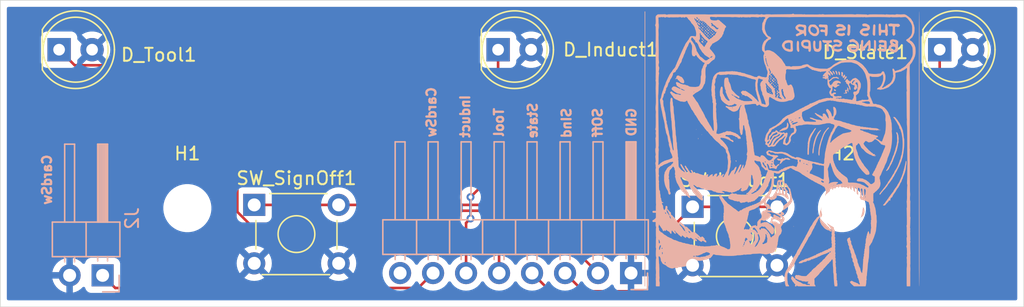
<source format=kicad_pcb>
(kicad_pcb (version 20240108) (generator "pcbnew") (generator_version "8.0")
  (layers (0 "F.Cu" signal) (31 "B.Cu" signal) (34 "B.Paste" user) (35 "F.Paste" user) (36 "B.SilkS" user "B.Silkscreen") (37 "F.SilkS" user "F.Silkscreen") (38 "B.Mask" user) (39 "F.Mask" user) (44 "Edge.Cuts" user))
  (net 0 "")
  (net 1 "Net-(D_Induct1-K)")
  (net 2 "Net-(D_State1-K)")
  (net 3 "Net-(D_Tool1-K)")
  (net 4 "Net-(J1-Pin_7)")
  (net 5 "Net-(J1-Pin_3)")
  (net 7 "Net-(J1-Pin_2)")
  (net 8 "GND")
  (footprint "LED_THT:LED_D5.0mm" (layer "F.Cu") (at 167.525 82.8)
    (property "Reference" "D_Induct1")
    (property "Value" "LED")
  )
  (footprint "MountingHole:MountingHole_3.2mm_M3" (layer "F.Cu") (at 143.6 95)
    (property "Reference" "H1")
    (property "Value" "MountingHole" (hide yes))
  )
  (footprint "LED_THT:LED_D5.0mm" (layer "F.Cu") (at 201.525 82.8)
    (property "Reference" "D_State1")
    (property "Value" "LED")
  )
  (footprint "Button_Switch_THT:SW_TH_Tactile_Omron_B3F-10xx" (layer "F.Cu") (at 148.75 94.75)
    (property "Reference" "SW_SignOff1")
    (property "Value" "SW_Push")
  )
  (footprint "LED_THT:LED_D5.0mm" (layer "F.Cu") (at 133.725 82.8)
    (property "Reference" "D_Tool1")
    (property "Value" "LED")
  )
  (footprint "MountingHole:MountingHole_3.2mm_M3" (layer "F.Cu") (at 194 95)
    (property "Reference" "H2")
    (property "Value" "MountingHole" (hide yes))
  )
  (footprint "Button_Switch_THT:SW_TH_Tactile_Omron_B3F-10xx" (layer "F.Cu") (at 182.5 94.9)
    (property "Reference" "SW_Induct1")
    (property "Value" "SW_Push")
  )
  (footprint "Connector_PinHeader_2.54mm:PinHeader_1x02_P2.54mm_Horizontal" (layer "B.Cu") (at 137.075 100.175 90)
    (property "Reference" "J2")
    (property "Value" "Conn_01x02")
  )
  (footprint "Connector_PinHeader_2.54mm:PinHeader_1x08_P2.54mm_Horizontal" (layer "B.Cu") (at 177.76 100 90)
    (property "Reference" "J1")
    (property "Value" "Conn_01x08")
  )
  (gr_poly (pts (xy 185.801187 89.642527) (xy 185.800114 89.642779) (xy 185.799058 89.643163) (xy 185.798024 89.643683) (xy 185.797018 89.644337) (xy 185.796044 89.645126) (xy 185.795108 89.64605) (xy 185.794216 89.64711) (xy 185.793372 89.648306) (xy 185.792581 89.649639) (xy 185.79185 89.651109) (xy 185.791182 89.652717) (xy 185.790583 89.654462) (xy 185.790059 89.656345) (xy 185.789615 89.658367) (xy 185.789429 89.659439) (xy 185.789285 89.660484) (xy 185.789185 89.661501) (xy 185.789127 89.662489) (xy 185.789111 89.663448) (xy 185.789137 89.664378) (xy 185.789204 89.665278) (xy 185.789313 89.666148) (xy 185.789462 89.666987) (xy 185.789653 89.667796) (xy 185.789883 89.668573) (xy 185.790154 89.669318) (xy 185.790464 89.670031) (xy 185.790813 89.670711) (xy 185.791202 89.671358) (xy 185.791629 89.671971) (xy 185.792095 89.672551) (xy 185.792598 89.673096) (xy 185.79314 89.673607) (xy 185.793719 89.674082) (xy 185.794335 89.674521) (xy 185.794988 89.674925) (xy 185.795677 89.675292) (xy 185.796403 89.675623) (xy 185.797165 89.675916) (xy 185.797962 89.676171) (xy 185.798795 89.676388) (xy 185.799662 89.676567) (xy 185.800564 89.676706) (xy 185.801501 89.676807) (xy 185.802471 89.676867) (xy 185.803475 89.676887) (xy 185.804416 89.676867) (xy 185.80533 89.676808) (xy 185.806218 89.67671) (xy 185.807078 89.676574) (xy 185.80791 89.676402) (xy 185.808714 89.676192) (xy 185.809489 89.675948) (xy 185.810234 89.675668) (xy 185.810948 89.675354) (xy 185.811631 89.675007) (xy 185.812282 89.674627) (xy 185.812901 89.674216) (xy 185.813487 89.673773) (xy 185.814039 89.6733) (xy 185.814556 89.672797) (xy 185.815039 89.672266) (xy 185.815486 89.671707) (xy 185.815897 89.67112) (xy 185.816271 89.670506) (xy 185.816607 89.669867) (xy 185.816905 89.669203) (xy 185.817164 89.668514) (xy 185.817384 89.667802) (xy 185.817564 89.667066) (xy 185.817703 89.666309) (xy 185.8178 89.665531) (xy 185.817855 89.664732) (xy 185.817868 89.663913) (xy 185.817837 89.663075) (xy 185.817763 89.662218) (xy 185.817644 89.661344) (xy 185.817479 89.660454) (xy 185.817479 89.660455) (xy 185.816991 89.658363) (xy 185.816425 89.656398) (xy 185.815788 89.65456) (xy 185.815084 89.65285) (xy 185.81432 89.651268) (xy 185.813499 89.649814) (xy 185.812628 89.648489) (xy 185.811711 89.647293) (xy 185.810754 89.646227) (xy 185.809762 89.645291) (xy 185.80874 89.644485) (xy 185.807693 89.64381) (xy 185.806627 89.643266) (xy 185.805546 89.642854) (xy 185.804457 89.642573) (xy 185.803364 89.642425) (xy 185.802272 89.64241)) (stroke (width -0.000001)) (fill solid) (layer "B.SilkS"))
  (gr_poly (pts (xy 183.899031 81.48173) (xy 183.896646 81.482004) (xy 183.894439 81.482547) (xy 183.892433 81.483369) (xy 183.890646 81.484484) (xy 183.889101 81.485902) (xy 183.887817 81.487634) (xy 183.886815 81.489693) (xy 183.885713 81.492726) (xy 183.884761 81.49569) (xy 183.883958 81.498584) (xy 183.883303 81.501407) (xy 183.882796 81.504157) (xy 183.882436 81.506833) (xy 183.882222 81.509435) (xy 183.882154 81.511961) (xy 183.882231 81.51441) (xy 183.882452 81.516781) (xy 183.882816 81.519073) (xy 183.883323 81.521284) (xy 183.883973 81.523414) (xy 183.884764 81.525462) (xy 183.885695 81.527426) (xy 183.886766 81.529305) (xy 183.887977 81.531097) (xy 183.889327 81.532803) (xy 183.890814 81.534421) (xy 183.892439 81.535949) (xy 183.8942 81.537387) (xy 183.896097 81.538734) (xy 183.898129 81.539987) (xy 183.900295 81.541147) (xy 183.902595 81.542212) (xy 183.905029 81.543181) (xy 183.907594 81.544053) (xy 183.910292 81.544826) (xy 183.91312 81.5455) (xy 183.916078 81.546073) (xy 183.919167 81.546545) (xy 183.922383 81.546914) (xy 183.927473 81.547361) (xy 183.932054 81.547658) (xy 183.93615 81.547792) (xy 183.939788 81.54775) (xy 183.94299 81.547519) (xy 183.945784 81.547084) (xy 183.947035 81.546787) (xy 183.948193 81.546434) (xy 183.949261 81.546023) (xy 183.950242 81.545554) (xy 183.95114 81.545024) (xy 183.951957 81.544431) (xy 183.952697 81.543775) (xy 183.953363 81.543053) (xy 183.953957 81.542264) (xy 183.954483 81.541405) (xy 183.954945 81.540476) (xy 183.955344 81.539475) (xy 183.955685 81.5384) (xy 183.95597 81.537249) (xy 183.956387 81.534715) (xy 183.956618 81.531857) (xy 183.95669 81.528665) (xy 183.956516 81.52595) (xy 183.956005 81.523217) (xy 183.95518 81.520477) (xy 183.954061 81.517742) (xy 183.952668 81.515023) (xy 183.951022 81.512332) (xy 183.949144 81.50968) (xy 183.947053 81.507078) (xy 183.944771 81.504539) (xy 183.942318 81.502074) (xy 183.939715 81.499693) (xy 183.936983 81.497409) (xy 183.934141 81.495233) (xy 183.931211 81.493177) (xy 183.928213 81.491252) (xy 183.925168 81.489469) (xy 183.922096 81.48784) (xy 183.919018 81.486376) (xy 183.915955 81.48509) (xy 183.912926 81.483992) (xy 183.909954 81.483094) (xy 183.907057 81.482407) (xy 183.904258 81.481944) (xy 183.901575 81.481714)) (stroke (width -0.000001)) (fill solid) (layer "B.SilkS"))
  (gr_poly (pts (xy 183.406897 80.755265) (xy 183.401973 80.755693) (xy 183.399682 80.756014) (xy 183.397504 80.756405) (xy 183.39544 80.756867) (xy 183.393489 80.757401) (xy 183.391653 80.758004) (xy 183.38993 80.758679) (xy 183.388321 80.759424) (xy 183.386826 80.760239) (xy 183.385446 80.761125) (xy 183.384179 80.762081) (xy 183.383027 80.763108) (xy 183.381989 80.764204) (xy 183.381066 80.765371) (xy 183.380257 80.766607) (xy 183.379562 80.767913) (xy 183.378983 80.769289) (xy 183.378518 80.770735) (xy 183.378167 80.77225) (xy 183.377932 80.773835) (xy 183.377812 80.775489) (xy 183.377806 80.777212) (xy 183.377916 80.779005) (xy 183.378141 80.780867) (xy 183.378481 80.782797) (xy 183.378936 80.784797) (xy 183.379507 80.786866) (xy 183.380194 80.789003) (xy 183.380996 80.79121) (xy 183.381674 80.792765) (xy 183.382485 80.794255) (xy 183.383421 80.795678) (xy 183.384475 80.797031) (xy 183.385639 80.798315) (xy 183.386906 80.799526) (xy 183.388267 80.800664) (xy 183.389716 80.801728) (xy 183.391244 80.802715) (xy 183.392845 80.803625) (xy 183.394511 80.804455) (xy 183.396233 80.805204) (xy 183.398006 80.805872) (xy 183.39982 80.806456) (xy 183.401669 80.806955) (xy 183.403544 80.807367) (xy 183.40544 80.807691) (xy 183.407346 80.807926) (xy 183.409258 80.808069) (xy 183.411165 80.80812) (xy 183.413062 80.808077) (xy 183.414941 80.807939) (xy 183.416793 80.807704) (xy 183.418613 80.807371) (xy 183.42039 80.806937) (xy 183.42212 80.806403) (xy 183.423793 80.805765) (xy 183.425402 80.805024) (xy 183.42694 80.804176) (xy 183.4284 80.803221) (xy 183.429772 80.802158) (xy 183.431051 80.800984) (xy 183.431413 80.800597) (xy 183.43177 80.800164) (xy 183.432468 80.79917) (xy 183.433143 80.798015) (xy 183.433791 80.796713) (xy 183.434407 80.795277) (xy 183.434989 80.793721) (xy 183.435533 80.792057) (xy 183.436035 80.790301) (xy 183.436491 80.788465) (xy 183.436898 80.786563) (xy 183.437253 80.784609) (xy 183.437551 80.782616) (xy 183.437789 80.780597) (xy 183.437964 80.778567) (xy 183.438071 80.776539) (xy 183.438108 80.774526) (xy 183.438085 80.773281) (xy 183.438016 80.77208) (xy 183.437899 80.770924) (xy 183.437736 80.769811) (xy 183.437525 80.768742) (xy 183.437266 80.767716) (xy 183.436958 80.766733) (xy 183.436602 80.765792) (xy 183.436196 80.764893) (xy 183.435741 80.764036) (xy 183.435235 80.763221) (xy 183.434679 80.762447) (xy 183.434071 80.761714) (xy 183.433413 80.761021) (xy 183.432702 80.760368) (xy 183.431939 80.759756) (xy 183.431123 80.759183) (xy 183.430255 80.758649) (xy 183.429332 80.758154) (xy 183.428356 80.757698) (xy 183.427325 80.75728) (xy 183.42624 80.756901) (xy 183.425099 80.756559) (xy 183.423902 80.756254) (xy 183.422649 80.755986) (xy 183.42134 80.755755) (xy 183.419974 80.755561) (xy 183.41855 80.755402) (xy 183.417069 80.755279) (xy 183.415529 80.755192) (xy 183.412274 80.755123)) (stroke (width -0.000001)) (fill solid) (layer "B.SilkS"))
  (gr_poly (pts (xy 190.280119 89.914869) (xy 190.27889 89.91496) (xy 190.277701 89.915118) (xy 190.276553 89.915343) (xy 190.275447 89.915633) (xy 190.274384 89.915989) (xy 190.273367 89.916409) (xy 190.272397 89.916893) (xy 190.271474 89.91744) (xy 190.2706 89.918048) (xy 190.269778 89.918718) (xy 190.269007 89.919448) (xy 190.26829 89.920238) (xy 190.267628 89.921088) (xy 190.267022 89.921995) (xy 190.266474 89.92296) (xy 190.265986 89.923981) (xy 190.265558 89.925058) (xy 190.265192 89.926191) (xy 190.264889 89.927377) (xy 190.264651 89.928618) (xy 190.264479 89.929911) (xy 190.264375 89.931256) (xy 190.26434 89.932653) (xy 190.264375 89.933669) (xy 190.264478 89.934619) (xy 190.264649 89.935502) (xy 190.264887 89.936319) (xy 190.26519 89.937069) (xy 190.265557 89.937752) (xy 190.265988 89.938369) (xy 190.266482 89.93892) (xy 190.267036 89.939403) (xy 190.267651 89.93982) (xy 190.268326 89.940171) (xy 190.269058 89.940455) (xy 190.269848 89.940673) (xy 190.270694 89.940824) (xy 190.271595 89.940909) (xy 190.27255 89.940928) (xy 190.273558 89.94088) (xy 190.274618 89.940765) (xy 190.275729 89.940584) (xy 190.276889 89.940337) (xy 190.278099 89.940024) (xy 190.279356 89.939644) (xy 190.280661 89.939198) (xy 190.282011 89.938685) (xy 190.283405 89.938106) (xy 190.284844 89.937461) (xy 190.286324 89.93675) (xy 190.287847 89.935973) (xy 190.28941 89.935129) (xy 190.291012 89.934219) (xy 190.292653 89.933243) (xy 190.294331 89.9322) (xy 190.294332 89.9322) (xy 190.294333 89.9322) (xy 190.294334 89.9322) (xy 190.294335 89.9322) (xy 190.294336 89.9322) (xy 190.294338 89.9322) (xy 190.294339 89.9322) (xy 190.29434 89.9322) (xy 190.296359 89.930883) (xy 190.298101 89.929664) (xy 190.298867 89.929087) (xy 190.299563 89.92853) (xy 190.30019 89.927993) (xy 190.300746 89.927473) (xy 190.301232 89.926971) (xy 190.301648 89.926484) (xy 190.301993 89.926011) (xy 190.302267 89.925551) (xy 190.302471 89.925103) (xy 190.302604 89.924666) (xy 190.302666 89.924238) (xy 190.302656 89.923818) (xy 190.302576 89.923405) (xy 190.302423 89.922998) (xy 190.3022 89.922595) (xy 190.301904 89.922196) (xy 190.301537 89.921799) (xy 190.301098 89.921402) (xy 190.300587 89.921006) (xy 190.300003 89.920607) (xy 190.299347 89.920206) (xy 190.298619 89.919801) (xy 190.297818 89.91939) (xy 190.296945 89.918973) (xy 190.294978 89.918115) (xy 190.29272 89.917216) (xy 190.291199 89.916665) (xy 190.289706 89.916188) (xy 190.28824 89.915785) (xy 190.286804 89.915455) (xy 190.2854 89.915197) (xy 190.284027 89.91501) (xy 190.282689 89.914894) (xy 190.281385 89.914847)) (stroke (width -0.000001)) (fill solid) (layer "B.SilkS"))
  (gr_poly (pts (xy 183.394278 81.178544) (xy 183.392094 81.178794) (xy 183.389987 81.179204) (xy 183.387959 81.179764) (xy 183.386012 81.180468) (xy 183.384151 81.181308) (xy 183.382378 81.182278) (xy 183.380697 81.18337) (xy 183.37911 81.184578) (xy 183.37762 81.185892) (xy 183.37623 81.187308) (xy 183.374945 81.188816) (xy 183.373766 81.190411) (xy 183.372696 81.192084) (xy 183.37174 81.193829) (xy 183.370899 81.195638) (xy 183.370178 81.197504) (xy 183.369578 81.19942) (xy 183.369104 81.201378) (xy 183.368757 81.203372) (xy 183.368542 81.205394) (xy 183.368462 81.207437) (xy 183.368518 81.209494) (xy 183.368716 81.211557) (xy 183.369056 81.213619) (xy 183.369544 81.215673) (xy 183.370181 81.217712) (xy 183.370971 81.219729) (xy 183.371917 81.221715) (xy 183.373022 81.223665) (xy 183.374288 81.225571) (xy 183.37572 81.227425) (xy 183.377185 81.229076) (xy 183.378749 81.230626) (xy 183.380404 81.232073) (xy 183.382141 81.233418) (xy 183.383953 81.23466) (xy 183.38583 81.2358) (xy 183.387764 81.236837) (xy 183.389748 81.23777) (xy 183.391773 81.238601) (xy 183.39383 81.239328) (xy 183.395911 81.239951) (xy 183.398008 81.24047) (xy 183.400113 81.240885) (xy 183.402217 81.241196) (xy 183.404313 81.241402) (xy 183.406391 81.241504) (xy 183.408443 81.2415) (xy 183.410461 81.241392) (xy 183.412437 81.241178) (xy 183.414363 81.240859) (xy 183.41623 81.240435) (xy 183.418029 81.239904) (xy 183.419754 81.239267) (xy 183.421394 81.238524) (xy 183.422942 81.237675) (xy 183.42439 81.236718) (xy 183.425729 81.235655) (xy 183.426951 81.234485) (xy 183.428048 81.233208) (xy 183.429011 81.231823) (xy 183.429833 81.23033) (xy 183.430504 81.22873) (xy 183.431126 81.226749) (xy 183.431593 81.224725) (xy 183.431909 81.222665) (xy 183.432078 81.220577) (xy 183.432107 81.218466) (xy 183.431998 81.216339) (xy 183.431758 81.214205) (xy 183.43139 81.212069) (xy 183.430899 81.209938) (xy 183.43029 81.207821) (xy 183.429568 81.205722) (xy 183.428737 81.203651) (xy 183.427802 81.201612) (xy 183.426768 81.199614) (xy 183.42564 81.197663) (xy 183.424421 81.195767) (xy 183.423118 81.193931) (xy 183.421734 81.192164) (xy 183.420274 81.190471) (xy 183.418743 81.188861) (xy 183.417145 81.187339) (xy 183.415486 81.185914) (xy 183.41377 81.184591) (xy 183.412002 81.183378) (xy 183.410186 81.182282) (xy 183.408327 81.181309) (xy 183.406429 81.180467) (xy 183.404499 81.179762) (xy 183.402539 81.179202) (xy 183.400555 81.178794) (xy 183.398552 81.178543) (xy 183.396534 81.178459)) (stroke (width -0.000001)) (fill solid) (layer "B.SilkS"))
  (gr_poly (pts (xy 183.507234 80.865666) (xy 183.505171 80.865861) (xy 183.503141 80.866181) (xy 183.501153 80.866622) (xy 183.499216 80.867181) (xy 183.497338 80.867854) (xy 183.495529 80.868637) (xy 183.493797 80.869528) (xy 183.492152 80.870522) (xy 183.490601 80.871617) (xy 183.489156 80.872808) (xy 183.487823 80.874092) (xy 183.486612 80.875465) (xy 183.485533 80.876924) (xy 183.484593 80.878466) (xy 183.483803 80.880087) (xy 183.48317 80.881783) (xy 183.482704 80.883551) (xy 183.482413 80.885387) (xy 183.482307 80.887288) (xy 183.482395 80.88925) (xy 183.482685 80.89127) (xy 183.483161 80.89332) (xy 183.483775 80.895266) (xy 183.484521 80.897109) (xy 183.485391 80.898846) (xy 183.486378 80.900477) (xy 183.487476 80.902001) (xy 183.488677 80.903416) (xy 183.489975 80.90472) (xy 183.491361 80.905914) (xy 183.492831 80.906995) (xy 183.494375 80.907963) (xy 183.495988 80.908815) (xy 183.497662 80.909552) (xy 183.49939 80.910171) (xy 183.501166 80.910672) (xy 183.502982 80.911052) (xy 183.504832 80.911312) (xy 183.506708 80.91145) (xy 183.508603 80.911464) (xy 183.51051 80.911353) (xy 183.512423 80.911117) (xy 183.514334 80.910753) (xy 183.516237 80.910261) (xy 183.518123 80.90964) (xy 183.519987 80.908887) (xy 183.521822 80.908003) (xy 183.523619 80.906985) (xy 183.525373 80.905833) (xy 183.527077 80.904546) (xy 183.528722 80.903121) (xy 183.530303 80.901558) (xy 183.531812 80.899856) (xy 183.531816 80.899856) (xy 183.533492 80.897755) (xy 183.53493 80.895767) (xy 183.53556 80.894811) (xy 183.53613 80.893879) (xy 183.53664 80.892969) (xy 183.53709 80.89208) (xy 183.53748 80.891209) (xy 183.537809 80.890356) (xy 183.538079 80.889518) (xy 183.538287 80.888695) (xy 183.538435 80.887884) (xy 183.538522 80.887084) (xy 183.538548 80.886293) (xy 183.538513 80.88551) (xy 183.538417 80.884734) (xy 183.53826 80.883962) (xy 183.538041 80.883193) (xy 183.53776 80.882426) (xy 183.537417 80.881658) (xy 183.537013 80.880889) (xy 183.536547 80.880117) (xy 183.536018 80.87934) (xy 183.535427 80.878556) (xy 183.534774 80.877765) (xy 183.534058 80.876964) (xy 183.53328 80.876152) (xy 183.531534 80.874488) (xy 183.529536 80.872761) (xy 183.527702 80.871351) (xy 183.525802 80.870105) (xy 183.523845 80.869019) (xy 183.521842 80.868089) (xy 183.519799 80.867312) (xy 183.517727 80.866684) (xy 183.515634 80.866203) (xy 183.513529 80.865864) (xy 183.511422 80.865664) (xy 183.50932 80.865599)) (stroke (width -0.000001)) (fill solid) (layer "B.SilkS"))
  (gr_poly (pts (xy 178.80261 101.022224) (xy 178.855524 101.022224) (xy 178.855524 79.855555) (xy 178.80261 79.855555)) (stroke (width -0.000001)) (fill solid) (layer "B.SilkS"))
  (gr_poly (pts (xy 185.482072 84.809579) (xy 185.480771 84.809684) (xy 185.479545 84.809868) (xy 185.478396 84.810129) (xy 185.477326 84.810466) (xy 185.476337 84.810878) (xy 185.475432 84.811361) (xy 185.474612 84.811915) (xy 185.473881 84.812538) (xy 185.473239 84.813228) (xy 185.47269 84.813984) (xy 185.472235 84.814804) (xy 185.471877 84.815686) (xy 185.471618 84.816628) (xy 185.471461 84.81763) (xy 185.471406 84.818689) (xy 185.471457 84.819803) (xy 185.471616 84.820971) (xy 185.471885 84.822191) (xy 185.472266 84.823462) (xy 185.472762 84.824782) (xy 185.473374 84.826149) (xy 185.474105 84.827561) (xy 185.474957 84.829018) (xy 185.475798 84.83031) (xy 185.476673 84.83152) (xy 185.477578 84.832649) (xy 185.478513 84.833697) (xy 185.479474 84.834662) (xy 185.480459 84.835545) (xy 185.481466 84.836347) (xy 185.482493 84.837067) (xy 185.483538 84.837705) (xy 185.484598 84.83826) (xy 185.485671 84.838734) (xy 185.486754 84.839126) (xy 185.487846 84.839435) (xy 185.488944 84.839662) (xy 185.490046 84.839807) (xy 185.49115 84.83987) (xy 185.492253 84.83985) (xy 185.493353 84.839748) (xy 185.494448 84.839564) (xy 185.495536 84.839297) (xy 185.496614 84.838948) (xy 185.49768 84.838516) (xy 185.498732 84.838002) (xy 185.499767 84.837405) (xy 185.500784 84.836725) (xy 185.50178 84.835962) (xy 185.502752 84.835117) (xy 185.503699 84.834189) (xy 185.504618 84.833178) (xy 185.505507 84.832084) (xy 185.506364 84.830908) (xy 185.507186 84.829648) (xy 185.507186 84.829647) (xy 185.507502 84.829092) (xy 185.507769 84.828528) (xy 185.507989 84.827954) (xy 185.508163 84.827373) (xy 185.508291 84.826785) (xy 185.508373 84.826192) (xy 185.508411 84.825595) (xy 185.508404 84.824994) (xy 185.508355 84.824391) (xy 185.508262 84.823787) (xy 185.508128 84.823183) (xy 185.507952 84.822581) (xy 185.507736 84.82198) (xy 185.50748 84.821383) (xy 185.507184 84.820791) (xy 185.506849 84.820203) (xy 185.506477 84.819623) (xy 185.506067 84.81905) (xy 185.50562 84.818487) (xy 185.505138 84.817933) (xy 185.50462 84.81739) (xy 185.504067 84.816859) (xy 185.50348 84.816342) (xy 185.50286 84.815839) (xy 185.502206 84.815352) (xy 185.501521 84.814881) (xy 185.500805 84.814427) (xy 185.500057 84.813993) (xy 185.49928 84.813578) (xy 185.498473 84.813185) (xy 185.497637 84.812813) (xy 185.496773 84.812465) (xy 185.4949 84.811783) (xy 185.493081 84.811196) (xy 185.49132 84.810701) (xy 185.489618 84.810297) (xy 185.487977 84.809982) (xy 185.486399 84.809754) (xy 185.484888 84.809612) (xy 185.483445 84.809554)) (stroke (width -0.000001)) (fill solid) (layer "B.SilkS"))
  (gr_poly (pts (xy 188.652455 85.090844) (xy 188.649278 85.091287) (xy 188.646087 85.09202) (xy 188.642892 85.093051) (xy 188.637939 85.095052) (xy 188.633325 85.09726) (xy 188.629048 85.099663) (xy 188.625107 85.102252) (xy 188.621504 85.105016) (xy 188.618236 85.107945) (xy 188.615303 85.111027) (xy 188.612704 85.114253) (xy 188.61044 85.117612) (xy 188.608509 85.121094) (xy 188.606911 85.124688) (xy 188.605646 85.128384) (xy 188.604712 85.13217) (xy 188.604109 85.136038) (xy 188.603836 85.139976) (xy 188.603894 85.143974) (xy 188.604281 85.148021) (xy 188.604997 85.152108) (xy 188.606041 85.156222) (xy 188.607413 85.160355) (xy 188.609112 85.164495) (xy 188.611137 85.168633) (xy 188.613489 85.172757) (xy 188.616165 85.176857) (xy 188.619167 85.180923) (xy 188.622492 85.184944) (xy 188.626142 85.18891) (xy 188.630114 85.19281) (xy 188.634409 85.196635) (xy 188.639025 85.200372) (xy 188.643963 85.204013) (xy 188.649222 85.207546) (xy 188.653486 85.210397) (xy 188.657568 85.213363) (xy 188.661461 85.216435) (xy 188.66516 85.219607) (xy 188.668662 85.222873) (xy 188.671959 85.226226) (xy 188.675048 85.22966) (xy 188.677923 85.233168) (xy 188.680579 85.236743) (xy 188.68301 85.240379) (xy 188.685213 85.24407) (xy 188.687181 85.247808) (xy 188.68891 85.251588) (xy 188.690394 85.255402) (xy 188.691628 85.259244) (xy 188.692608 85.263108) (xy 188.693321 85.266163) (xy 188.694086 85.269055) (xy 188.694906 85.271784) (xy 188.695782 85.274352) (xy 188.69672 85.27676) (xy 188.697722 85.27901) (xy 188.69879 85.281101) (xy 188.699929 85.283036) (xy 188.701142 85.284815) (xy 188.702431 85.28644) (xy 188.703799 85.287911) (xy 188.705251 85.28923) (xy 188.706789 85.290398) (xy 188.708416 85.291415) (xy 188.710136 85.292284) (xy 188.711951 85.293005) (xy 188.713865 85.293579) (xy 188.715882 85.294007) (xy 188.718003 85.29429) (xy 188.720232 85.29443) (xy 188.722574 85.294428) (xy 188.725029 85.294284) (xy 188.727603 85.294) (xy 188.730298 85.293577) (xy 188.733117 85.293016) (xy 188.736063 85.292319) (xy 188.739139 85.291485) (xy 188.74235 85.290516) (xy 188.745697 85.289414) (xy 188.749185 85.28818) (xy 188.756592 85.285318) (xy 188.756591 85.285318) (xy 188.761932 85.282965) (xy 188.766997 85.280361) (xy 188.771762 85.277538) (xy 188.776203 85.274527) (xy 188.780296 85.27136) (xy 188.784015 85.268069) (xy 188.787337 85.264685) (xy 188.790236 85.26124) (xy 188.79152 85.259505) (xy 188.79269 85.257766) (xy 188.793741 85.256028) (xy 188.794672 85.254294) (xy 188.795479 85.252568) (xy 188.796159 85.250855) (xy 188.796709 85.249158) (xy 188.797126 85.247482) (xy 188.797407 85.245829) (xy 188.797549 85.244205) (xy 188.797548 85.242613) (xy 188.797402 85.241057) (xy 188.797109 85.239542) (xy 188.796663 85.23807) (xy 188.796063 85.236646) (xy 188.795306 85.235274) (xy 188.794874 85.234655) (xy 188.794337 85.234015) (xy 188.793697 85.233353) (xy 188.792958 85.232673) (xy 188.791196 85.231261) (xy 188.789076 85.229792) (xy 188.786625 85.228276) (xy 188.783866 85.226726) (xy 188.780828 85.225154) (xy 188.777534 85.223572) (xy 188.774011 85.221991) (xy 188.770285 85.220424) (xy 188.766382 85.218882) (xy 188.762326 85.217378) (xy 188.758145 85.215924) (xy 188.753863 85.214531) (xy 188.749507 85.213211) (xy 188.745101 85.211976) (xy 188.737978 85.21003) (xy 188.731699 85.208219) (xy 188.726216 85.206486) (xy 188.721485 85.204777) (xy 188.717457 85.203035) (xy 188.715692 85.202135) (xy 188.714085 85.201206) (xy 188.712631 85.200242) (xy 188.711324 85.199235) (xy 188.710157 85.198178) (xy 188.709125 85.197064) (xy 188.708222 85.195887) (xy 188.707443 85.19464) (xy 188.70678 85.193315) (xy 188.706229 85.191906) (xy 188.705784 85.190406) (xy 188.705439 85.188808) (xy 188.705187 85.187104) (xy 188.705023 85.185289) (xy 188.704936 85.181295) (xy 188.705132 85.176769) (xy 188.705562 85.171656) (xy 188.70618 85.165902) (xy 188.706555 85.161625) (xy 188.706706 85.157393) (xy 188.706639 85.153215) (xy 188.706361 85.149098) (xy 188.705881 85.14505) (xy 188.705204 85.141082) (xy 188.704339 85.1372) (xy 188.703293 85.133413) (xy 188.702073 85.12973) (xy 188.700687 85.12616) (xy 188.699141 85.122709) (xy 188.697444 85.119388) (xy 188.695602 85.116205) (xy 188.693623 85.113167) (xy 188.691514 85.110284) (xy 188.689282 85.107563) (xy 188.686935 85.105014) (xy 188.684481 85.102644) (xy 188.681926 85.100462) (xy 188.679277 85.098477) (xy 188.676543 85.096696) (xy 188.67373 85.09513) (xy 188.670846 85.093784) (xy 188.667898 85.092669) (xy 188.664893 85.091793) (xy 188.661839 85.091164) (xy 188.658744 85.09079) (xy 188.655613 85.090681)) (stroke (width -0.000001)) (fill solid) (layer "B.SilkS"))
  (gr_poly (pts (xy 183.788289 81.817549) (xy 183.785678 81.81775) (xy 183.78315 81.818062) (xy 183.78071 81.818483) (xy 183.778363 81.819011) (xy 183.776114 81.819641) (xy 183.773968 81.820371) (xy 183.771928 81.821199) (xy 183.770001 81.822121) (xy 183.768191 81.823135) (xy 183.766502 81.824238) (xy 183.76494 81.825426) (xy 183.763509 81.826697) (xy 183.762214 81.828048) (xy 183.76106 81.829476) (xy 183.760052 81.830979) (xy 183.759194 81.832552) (xy 183.75849 81.834194) (xy 183.757947 81.835902) (xy 183.757569 81.837672) (xy 183.75736 81.839502) (xy 183.757325 81.841389) (xy 183.757469 81.843329) (xy 183.757797 81.845321) (xy 183.758314 81.847361) (xy 183.759024 81.849446) (xy 183.759976 81.851475) (xy 183.761214 81.853376) (xy 183.762718 81.855148) (xy 183.764469 81.856792) (xy 183.766449 81.858307) (xy 183.768638 81.859693) (xy 183.771017 81.860951) (xy 183.773567 81.862079) (xy 183.776269 81.863079) (xy 183.779104 81.863949) (xy 183.782053 81.864689) (xy 183.785097 81.8653) (xy 183.791395 81.866132) (xy 183.797844 81.866444) (xy 183.804292 81.866234) (xy 183.810588 81.865501) (xy 183.81363 81.864938) (xy 183.816578 81.864244) (xy 183.819411 81.863419) (xy 183.822111 81.862462) (xy 183.824658 81.861374) (xy 183.827034 81.860154) (xy 183.829219 81.858802) (xy 183.831195 81.857318) (xy 183.832942 81.855702) (xy 183.834442 81.853953) (xy 183.835675 81.852072) (xy 183.836622 81.850058) (xy 183.837938 81.846505) (xy 183.838986 81.843327) (xy 183.8394 81.841867) (xy 183.839736 81.840489) (xy 183.83999 81.839187) (xy 183.840158 81.837959) (xy 183.840236 81.836798) (xy 183.840221 81.835703) (xy 183.840108 81.834667) (xy 183.839895 81.833688) (xy 183.839576 81.83276) (xy 183.839148 81.831881) (xy 183.838608 81.831045) (xy 183.837952 81.830249) (xy 183.837175 81.829489) (xy 183.836274 81.828759) (xy 183.835245 81.828057) (xy 183.834085 81.827378) (xy 183.832789 81.826718) (xy 183.831354 81.826073) (xy 183.829776 81.825438) (xy 183.828051 81.82481) (xy 183.826175 81.824184) (xy 183.824145 81.823556) (xy 183.819605 81.822278) (xy 183.814401 81.820944) (xy 183.808503 81.819519) (xy 183.805441 81.818856) (xy 183.80243 81.818325) (xy 183.799473 81.817923) (xy 183.796576 81.817648) (xy 183.793743 81.817496) (xy 183.790979 81.817464)) (stroke (width -0.000001)) (fill solid) (layer "B.SilkS"))
  (gr_poly (pts (xy 183.083182 80.659961) (xy 183.081936 80.660221) (xy 183.080694 80.660648) (xy 183.079458 80.661236) (xy 183.07823 80.66198) (xy 183.077013 80.662874) (xy 183.075809 80.663913) (xy 183.074621 80.66509) (xy 183.073451 80.666402) (xy 183.072302 80.667841) (xy 183.071176 80.669403) (xy 183.070075 80.671082) (xy 183.069003 80.672873) (xy 183.067961 80.674769) (xy 183.066953 80.676766) (xy 183.065979 80.678858) (xy 183.065044 80.681039) (xy 183.06415 80.683304) (xy 183.063298 80.685648) (xy 183.062491 80.688064) (xy 183.061732 80.690547) (xy 183.061024 80.693093) (xy 183.060369 80.695694) (xy 183.059768 80.698346) (xy 183.059226 80.701044) (xy 183.058743 80.703781) (xy 183.058323 80.706552) (xy 183.057969 80.709352) (xy 183.057682 80.712175) (xy 183.057464 80.715015) (xy 183.05732 80.717868) (xy 183.05725 80.720727) (xy 183.057374 80.722386) (xy 183.057788 80.723928) (xy 183.058475 80.725355) (xy 183.059417 80.726667) (xy 183.060596 80.727865) (xy 183.061994 80.728948) (xy 183.063593 80.729918) (xy 183.065376 80.730775) (xy 183.067323 80.73152) (xy 183.069418 80.732153) (xy 183.071643 80.732675) (xy 183.073978 80.733086) (xy 183.076408 80.733387) (xy 183.078912 80.733578) (xy 183.081475 80.73366) (xy 183.084077 80.733634) (xy 183.086701 80.7335) (xy 183.089328 80.733258) (xy 183.091942 80.73291) (xy 183.094523 80.732455) (xy 183.097054 80.731895) (xy 183.099517 80.731229) (xy 183.101894 80.730459) (xy 183.104168 80.729585) (xy 183.106319 80.728607) (xy 183.108331 80.727526) (xy 183.110185 80.726343) (xy 183.111863 80.725058) (xy 183.113348 80.723671) (xy 183.114621 80.722184) (xy 183.115665 80.720596) (xy 183.116461 80.718909) (xy 183.116463 80.718908) (xy 183.117087 80.717007) (xy 183.117548 80.715) (xy 183.117852 80.712901) (xy 183.118003 80.710719) (xy 183.118009 80.708464) (xy 183.117874 80.706149) (xy 183.117606 80.703783) (xy 183.117209 80.701377) (xy 183.116053 80.696491) (xy 183.114455 80.691576) (xy 183.112461 80.68672) (xy 183.110117 80.682007) (xy 183.107472 80.677525) (xy 183.104571 80.67336) (xy 183.101461 80.669599) (xy 183.099843 80.667897) (xy 183.09819 80.666328) (xy 183.096509 80.664903) (xy 183.094804 80.663634) (xy 183.093083 80.662529) (xy 183.091351 80.661602) (xy 183.089614 80.660862) (xy 183.087877 80.660319) (xy 183.086147 80.659986) (xy 183.084429 80.659873)) (stroke (width -0.000001)) (fill solid) (layer "B.SilkS"))
  (gr_poly (pts (xy 188.875015 85.094584) (xy 188.869642 85.094895) (xy 188.864464 85.09538) (xy 188.859484 85.096035) (xy 188.854705 85.096856) (xy 188.850131 85.097839) (xy 188.845765 85.09898) (xy 188.84161 85.100277) (xy 188.837671 85.101724) (xy 188.83395 85.103318) (xy 188.83045 85.105056) (xy 188.827176 85.106933) (xy 188.82413 85.108946) (xy 188.821317 85.111091) (xy 188.818738 85.113365) (xy 188.816399 85.115763) (xy 188.814302 85.118282) (xy 188.81245 85.120917) (xy 188.810847 85.123666) (xy 188.809497 85.126525) (xy 188.808402 85.129489) (xy 188.807567 85.132555) (xy 188.806994 85.135719) (xy 188.806687 85.138977) (xy 188.80665 85.142326) (xy 188.806886 85.145762) (xy 188.807397 85.149281) (xy 188.808189 85.152879) (xy 188.809263 85.156552) (xy 188.810624 85.160298) (xy 188.812274 85.164111) (xy 188.814218 85.167988) (xy 188.816817 85.172707) (xy 188.818054 85.174826) (xy 188.81926 85.176786) (xy 188.820442 85.178584) (xy 188.821607 85.180222) (xy 188.822762 85.181698) (xy 188.823915 85.183012) (xy 188.825073 85.184164) (xy 188.826244 85.185154) (xy 188.827434 85.18598) (xy 188.828652 85.186643) (xy 188.829904 85.187142) (xy 188.831197 85.187477) (xy 188.83254 85.187647) (xy 188.83394 85.187652) (xy 188.835403 85.187492) (xy 188.836937 85.187165) (xy 188.83855 85.186673) (xy 188.840249 85.186014) (xy 188.84204 85.185188) (xy 188.843933 85.184194) (xy 188.845933 85.183033) (xy 188.848048 85.181704) (xy 188.850285 85.180206) (xy 188.852653 85.178538) (xy 188.857806 85.174696) (xy 188.863567 85.170172) (xy 188.869994 85.164964) (xy 188.873022 85.162375) (xy 188.875893 85.159699) (xy 188.878605 85.156949) (xy 188.881155 85.154136) (xy 188.883544 85.15127) (xy 188.885768 85.148363) (xy 188.887827 85.145426) (xy 188.889718 85.142469) (xy 188.89144 85.139504) (xy 188.892992 85.136542) (xy 188.894371 85.133594) (xy 188.895576 85.130671) (xy 188.896605 85.127784) (xy 188.897457 85.124943) (xy 188.89813 85.122161) (xy 188.898623 85.119448) (xy 188.898933 85.116815) (xy 188.899059 85.114273) (xy 188.898999 85.111834) (xy 188.898753 85.109508) (xy 188.898317 85.107306) (xy 188.89769 85.105239) (xy 188.896872 85.103319) (xy 188.895859 85.101557) (xy 188.894651 85.099962) (xy 188.893246 85.098548) (xy 188.891641 85.097324) (xy 188.889836 85.096302) (xy 188.887829 85.095492) (xy 188.885618 85.094906) (xy 188.883202 85.094555) (xy 188.880578 85.09445)) (stroke (width -0.000001)) (fill solid) (layer "B.SilkS"))
  (gr_poly (pts (xy 190.263807 98.376404) (xy 190.263271 98.376445) (xy 190.262743 98.376513) (xy 190.262224 98.376606) (xy 190.261713 98.376725) (xy 190.261212 98.376868) (xy 190.26072 98.377035) (xy 190.26024 98.377225) (xy 190.259772 98.377438) (xy 190.259316 98.377672) (xy 190.258873 98.377928) (xy 190.258443 98.378204) (xy 190.258028 98.378499) (xy 190.257628 98.378814) (xy 190.257243 98.379147) (xy 190.256875 98.379498) (xy 190.256524 98.379866) (xy 190.256191 98.380251) (xy 190.255876 98.380651) (xy 190.25558 98.381066) (xy 190.255304 98.381496) (xy 190.255048 98.381939) (xy 190.254814 98.382395) (xy 190.254601 98.382864) (xy 190.254411 98.383344) (xy 190.254244 98.383835) (xy 190.254101 98.384336) (xy 190.253982 98.384847) (xy 190.253888 98.385367) (xy 190.253821 98.385895) (xy 190.25378 98.386431) (xy 190.253766 98.386974) (xy 190.25378 98.387516) (xy 190.253821 98.388052) (xy 190.253888 98.388579) (xy 190.253982 98.389099) (xy 190.254101 98.38961) (xy 190.254244 98.390111) (xy 190.254411 98.390602) (xy 190.254601 98.391082) (xy 190.254814 98.391551) (xy 190.255048 98.392007) (xy 190.255304 98.39245) (xy 190.25558 98.39288) (xy 190.255876 98.393295) (xy 190.256191 98.393695) (xy 190.256524 98.394079) (xy 190.256875 98.394448) (xy 190.257243 98.394799) (xy 190.257628 98.395132) (xy 190.258028 98.395447) (xy 190.258443 98.395743) (xy 190.258873 98.396019) (xy 190.259316 98.396275) (xy 190.259772 98.396509) (xy 190.26024 98.396722) (xy 190.26072 98.396912) (xy 190.261212 98.397079) (xy 190.261713 98.397222) (xy 190.262224 98.397341) (xy 190.262743 98.397435) (xy 190.263271 98.397502) (xy 190.263807 98.397543) (xy 190.264349 98.397557) (xy 190.264892 98.397543) (xy 190.265427 98.397502) (xy 190.265955 98.397435) (xy 190.266475 98.397341) (xy 190.266986 98.397222) (xy 190.267487 98.397079) (xy 190.267978 98.396912) (xy 190.268459 98.396722) (xy 190.268927 98.396509) (xy 190.269383 98.396275) (xy 190.269826 98.396019) (xy 190.270256 98.395743) (xy 190.270671 98.395447) (xy 190.271071 98.395132) (xy 190.271456 98.394799) (xy 190.271824 98.394448) (xy 190.272175 98.394079) (xy 190.272509 98.393695) (xy 190.272824 98.393295) (xy 190.273119 98.39288) (xy 190.273396 98.39245) (xy 190.273651 98.392007) (xy 190.273886 98.391551) (xy 190.274098 98.391082) (xy 190.274289 98.390602) (xy 190.274456 98.390111) (xy 190.274599 98.38961) (xy 190.274718 98.389099) (xy 190.274811 98.388579) (xy 190.274879 98.388052) (xy 190.27492 98.387516) (xy 190.274934 98.386974) (xy 190.27492 98.386431) (xy 190.274879 98.385895) (xy 190.274811 98.385367) (xy 190.274718 98.384847) (xy 190.274599 98.384336) (xy 190.274456 98.383835) (xy 190.274289 98.383344) (xy 190.274098 98.382864) (xy 190.273886 98.382395) (xy 190.273651 98.381939) (xy 190.273396 98.381496) (xy 190.273119 98.381066) (xy 190.272824 98.380651) (xy 190.272509 98.380251) (xy 190.272175 98.379866) (xy 190.271824 98.379498) (xy 190.271456 98.379147) (xy 190.271071 98.378814) (xy 190.270671 98.378499) (xy 190.270256 98.378204) (xy 190.269826 98.377928) (xy 190.269383 98.377672) (xy 190.268927 98.377438) (xy 190.268459 98.377225) (xy 190.267978 98.377035) (xy 190.267487 98.376868) (xy 190.266986 98.376725) (xy 190.266475 98.376606) (xy 190.265955 98.376513) (xy 190.265427 98.376445) (xy 190.264892 98.376404) (xy 190.264349 98.37639)) (stroke (width -0.000001)) (fill solid) (layer "B.SilkS"))
  (gr_poly (pts (xy 185.328582 84.791577) (xy 185.328123 84.791685) (xy 185.327675 84.791846) (xy 185.327239 84.792059) (xy 185.326816 84.792324) (xy 185.326405 84.792638) (xy 185.326008 84.793002) (xy 185.325625 84.793414) (xy 185.325258 84.793873) (xy 185.324906 84.794378) (xy 185.32457 84.794928) (xy 185.324251 84.795523) (xy 185.32395 84.796161) (xy 185.323667 84.796841) (xy 185.323403 84.797562) (xy 185.323159 84.798324) (xy 185.322935 84.799124) (xy 185.322731 84.799963) (xy 185.322549 84.800839) (xy 185.32239 84.801752) (xy 185.322253 84.802699) (xy 185.322139 84.803681) (xy 185.32205 84.804696) (xy 185.321985 84.805743) (xy 185.321946 84.806822) (xy 185.321933 84.807931) (xy 185.322001 84.812453) (xy 185.322202 84.816434) (xy 185.322531 84.819872) (xy 185.322984 84.822765) (xy 185.323254 84.824007) (xy 185.323554 84.825111) (xy 185.323882 84.826078) (xy 185.324238 84.826908) (xy 185.32462 84.8276) (xy 185.32503 84.828153) (xy 185.325465 84.828568) (xy 185.325925 84.828845) (xy 185.32641 84.828982) (xy 185.326919 84.828981) (xy 185.327451 84.828839) (xy 185.328006 84.828558) (xy 185.328583 84.828137) (xy 185.329181 84.827576) (xy 185.329801 84.826874) (xy 185.33044 84.826031) (xy 185.3311 84.825047) (xy 185.331778 84.823922) (xy 185.333189 84.821246) (xy 185.334669 84.818001) (xy 185.336213 84.814186) (xy 185.336768 84.812571) (xy 185.337204 84.810937) (xy 185.337524 84.809296) (xy 185.33773 84.80766) (xy 185.337823 84.806038) (xy 185.337807 84.804443) (xy 185.337682 84.802885) (xy 185.337451 84.801376) (xy 185.337117 84.799927) (xy 185.336681 84.798548) (xy 185.336146 84.797252) (xy 185.335514 84.796049) (xy 185.334786 84.794951) (xy 185.334387 84.794444) (xy 185.333965 84.793968) (xy 185.33352 84.793523) (xy 185.333053 84.793112) (xy 185.332563 84.792735) (xy 185.332052 84.792394) (xy 185.331533 84.792102) (xy 185.331021 84.79187) (xy 185.330517 84.791697) (xy 185.33002 84.791583) (xy 185.329531 84.791525) (xy 185.329052 84.791524)) (stroke (width -0.000001)) (fill solid) (layer "B.SilkS"))
  (gr_poly (pts (xy 188.865055 85.31657) (xy 188.862017 85.31685) (xy 188.858951 85.317408) (xy 188.855873 85.318254) (xy 188.852797 85.319395) (xy 188.849739 85.320839) (xy 188.846713 85.322593) (xy 188.843734 85.324667) (xy 188.840817 85.327067) (xy 188.837977 85.329801) (xy 188.835228 85.332879) (xy 188.833868 85.334583) (xy 188.83265 85.336251) (xy 188.831573 85.337885) (xy 188.830638 85.339485) (xy 188.829845 85.341052) (xy 188.829196 85.342587) (xy 188.828691 85.344092) (xy 188.828331 85.345566) (xy 188.828115 85.347011) (xy 188.828046 85.348428) (xy 188.828123 85.349817) (xy 188.828348 85.351181) (xy 188.82872 85.352518) (xy 188.829241 85.353831) (xy 188.829911 85.35512) (xy 188.830731 85.356387) (xy 188.831701 85.357632) (xy 188.832823 85.358855) (xy 188.834096 85.360059) (xy 188.835522 85.361244) (xy 188.837101 85.36241) (xy 188.838833 85.36356) (xy 188.84072 85.364693) (xy 188.842762 85.36581) (xy 188.84496 85.366913) (xy 188.847314 85.368002) (xy 188.849825 85.369079) (xy 188.852493 85.370144) (xy 188.85532 85.371198) (xy 188.858306 85.372242) (xy 188.864757 85.374303) (xy 188.867804 85.375159) (xy 188.870676 85.375829) (xy 188.873376 85.376311) (xy 188.87591 85.376605) (xy 188.878283 85.37671) (xy 188.880498 85.376622) (xy 188.881547 85.376506) (xy 188.88256 85.376342) (xy 188.883535 85.376129) (xy 188.884473 85.375868) (xy 188.885376 85.375557) (xy 188.886244 85.375198) (xy 188.887076 85.374789) (xy 188.887875 85.374331) (xy 188.888639 85.373823) (xy 188.889371 85.373265) (xy 188.89007 85.372657) (xy 188.890738 85.371999) (xy 188.891373 85.371291) (xy 188.891979 85.370532) (xy 188.892553 85.369723) (xy 188.893099 85.368863) (xy 188.894102 85.366989) (xy 188.894994 85.36491) (xy 188.894993 85.36491) (xy 188.896307 85.361063) (xy 188.897266 85.357321) (xy 188.897887 85.35369) (xy 188.898184 85.350179) (xy 188.898172 85.346796) (xy 188.897866 85.34355) (xy 188.89728 85.340447) (xy 188.89643 85.337495) (xy 188.89533 85.334704) (xy 188.893995 85.33208) (xy 188.89244 85.329632) (xy 188.89068 85.327367) (xy 188.88873 85.325295) (xy 188.886603 85.323421) (xy 188.884317 85.321755) (xy 188.881884 85.320304) (xy 188.87932 85.319077) (xy 188.87664 85.318081) (xy 188.873859 85.317325) (xy 188.870991 85.316815) (xy 188.868051 85.316561)) (stroke (width -0.000001)) (fill solid) (layer "B.SilkS"))
  (gr_poly (pts (xy 188.722965 85.419302) (xy 188.721743 85.419435) (xy 188.720461 85.419649) (xy 188.719117 85.419942) (xy 188.717706 85.420312) (xy 188.716223 85.42076) (xy 188.714666 85.421284) (xy 188.71303 85.421882) (xy 188.71131 85.422555) (xy 188.707605 85.42412) (xy 188.703518 85.425969) (xy 188.7006 85.427388) (xy 188.697859 85.428856) (xy 188.695294 85.430372) (xy 188.692905 85.431933) (xy 188.690693 85.433539) (xy 188.688658 85.435188) (xy 188.686799 85.43688) (xy 188.685118 85.438611) (xy 188.683613 85.440383) (xy 188.682285 85.442192) (xy 188.681135 85.444037) (xy 188.680162 85.445918) (xy 188.679367 85.447832) (xy 188.678749 85.449779) (xy 188.678309 85.451758) (xy 188.678047 85.453765) (xy 188.677963 85.455802) (xy 188.678057 85.457865) (xy 188.678329 85.459954) (xy 188.678779 85.462067) (xy 188.679408 85.464203) (xy 188.680216 85.466361) (xy 188.681202 85.468539) (xy 188.682367 85.470736) (xy 188.68371 85.472951) (xy 188.685233 85.475181) (xy 188.686935 85.477427) (xy 188.688816 85.479686) (xy 188.690877 85.481957) (xy 188.693117 85.484238) (xy 188.695536 85.486529) (xy 188.698136 85.488829) (xy 188.703348 85.49315) (xy 188.70818 85.496847) (xy 188.712649 85.499919) (xy 188.714753 85.501219) (xy 188.716774 85.502362) (xy 188.718714 85.503346) (xy 188.720575 85.504173) (xy 188.722359 85.50484) (xy 188.724069 85.505349) (xy 188.725708 85.505698) (xy 188.727277 85.505888) (xy 188.728779 85.505917) (xy 188.730216 85.505786) (xy 188.731591 85.505494) (xy 188.732907 85.505041) (xy 188.734164 85.504427) (xy 188.735366 85.503651) (xy 188.736516 85.502712) (xy 188.737614 85.501611) (xy 188.738665 85.500347) (xy 188.73967 85.49892) (xy 188.740631 85.497329) (xy 188.741551 85.495575) (xy 188.742432 85.493655) (xy 188.743277 85.491572) (xy 188.744088 85.489323) (xy 188.744867 85.486909) (xy 188.74634 85.481583) (xy 188.746932 85.478878) (xy 188.747393 85.476033) (xy 188.747723 85.473071) (xy 188.747927 85.470018) (xy 188.748006 85.466896) (xy 188.747963 85.46373) (xy 188.747801 85.460543) (xy 188.747522 85.45736) (xy 188.747128 85.454204) (xy 188.746622 85.4511) (xy 188.746007 85.448071) (xy 188.745285 85.445141) (xy 188.744459 85.442334) (xy 188.74353 85.439675) (xy 188.742503 85.437186) (xy 188.741378 85.434893) (xy 188.739589 85.431658) (xy 188.737875 85.428817) (xy 188.737037 85.427541) (xy 188.736205 85.42636) (xy 188.735375 85.425274) (xy 188.734544 85.424281) (xy 188.733708 85.423381) (xy 188.732861 85.422572) (xy 188.732001 85.421853) (xy 188.731123 85.421224) (xy 188.730223 85.420684) (xy 188.729297 85.420231) (xy 188.728341 85.419865) (xy 188.727351 85.419585) (xy 188.726322 85.41939) (xy 188.725251 85.419278) (xy 188.724133 85.419249)) (stroke (width -0.000001)) (fill solid) (layer "B.SilkS"))
  (gr_poly (pts (xy 190.273709 94.535706) (xy 190.2724 94.535921) (xy 190.271009 94.536257) (xy 190.269534 94.536713) (xy 190.267971 94.537289) (xy 190.26632 94.537984) (xy 190.264579 94.538795) (xy 190.262745 94.539724) (xy 190.258792 94.541925) (xy 190.254446 94.544579) (xy 190.25223 94.546035) (xy 190.25123 94.546739) (xy 190.250303 94.547429) (xy 190.249447 94.548109) (xy 190.248663 94.548779) (xy 190.247951 94.549444) (xy 190.24731 94.550105) (xy 190.246741 94.550764) (xy 190.246243 94.551424) (xy 190.245817 94.552087) (xy 190.245461 94.552755) (xy 190.245177 94.553431) (xy 190.244963 94.554118) (xy 190.24482 94.554817) (xy 190.244748 94.55553) (xy 190.244746 94.556261) (xy 190.244815 94.557011) (xy 190.244953 94.557784) (xy 190.245162 94.55858) (xy 190.245441 94.559403) (xy 190.24579 94.560255) (xy 190.246209 94.561138) (xy 190.246697 94.562054) (xy 190.247255 94.563006) (xy 190.247882 94.563997) (xy 190.248579 94.565028) (xy 190.249344 94.566102) (xy 190.250179 94.567222) (xy 190.251083 94.568388) (xy 190.253097 94.570874) (xy 190.254957 94.573062) (xy 190.256772 94.575086) (xy 190.258539 94.576948) (xy 190.260258 94.578646) (xy 190.261928 94.580182) (xy 190.263549 94.581555) (xy 190.265119 94.582766) (xy 190.266638 94.583816) (xy 190.268105 94.584703) (xy 190.269518 94.58543) (xy 190.270878 94.585995) (xy 190.272184 94.586399) (xy 190.273433 94.586643) (xy 190.274627 94.586727) (xy 190.275763 94.58665) (xy 190.276841 94.586414) (xy 190.27786 94.586018) (xy 190.27882 94.585462) (xy 190.279719 94.584748) (xy 190.280556 94.583874) (xy 190.281332 94.582843) (xy 190.282044 94.581652) (xy 190.282693 94.580304) (xy 190.283277 94.578798) (xy 190.283795 94.577134) (xy 190.284247 94.575313) (xy 190.284632 94.573335) (xy 190.284948 94.5712) (xy 190.285196 94.568909) (xy 190.285374 94.566461) (xy 190.285481 94.563857) (xy 190.285517 94.561098) (xy 190.285435 94.556089) (xy 190.285177 94.55165) (xy 190.284978 94.54964) (xy 190.284728 94.54777) (xy 190.284428 94.546038) (xy 190.284073 94.544443) (xy 190.283663 94.542984) (xy 190.283196 94.54166) (xy 190.28267 94.54047) (xy 190.282082 94.539413) (xy 190.28143 94.538487) (xy 190.280714 94.537693) (xy 190.27993 94.537028) (xy 190.279077 94.536492) (xy 190.278154 94.536083) (xy 190.277157 94.535802) (xy 190.276085 94.535645) (xy 190.274936 94.535614)) (stroke (width -0.000001)) (fill solid) (layer "B.SilkS"))
  (gr_poly (pts (xy 193.995581 84.513642) (xy 193.994018 84.513791) (xy 193.992475 84.514027) (xy 193.990947 84.514353) (xy 193.989429 84.51477) (xy 193.987914 84.51528) (xy 193.986397 84.515884) (xy 193.984874 84.516585) (xy 193.983337 84.517383) (xy 193.981782 84.518281) (xy 193.980203 84.519281) (xy 193.976952 84.52159) (xy 193.973537 84.524325) (xy 193.969916 84.527499) (xy 193.966044 84.531126) (xy 193.961876 84.535219) (xy 193.957945 84.539223) (xy 193.954452 84.54295) (xy 193.951387 84.546431) (xy 193.948738 84.549696) (xy 193.946496 84.552777) (xy 193.945524 84.554258) (xy 193.94465 84.555703) (xy 193.943872 84.557119) (xy 193.94319 84.558507) (xy 193.942601 84.559871) (xy 193.942106 84.561217) (xy 193.941701 84.562547) (xy 193.941387 84.563865) (xy 193.941161 84.565176) (xy 193.941022 84.566482) (xy 193.94097 84.567788) (xy 193.941003 84.569099) (xy 193.941119 84.570416) (xy 193.941318 84.571745) (xy 193.941597 84.573089) (xy 193.941956 84.574452) (xy 193.942394 84.575839) (xy 193.942909 84.577251) (xy 193.944164 84.580172) (xy 193.945713 84.583247) (xy 193.946837 84.585823) (xy 193.947917 84.589233) (xy 193.948945 84.593422) (xy 193.949919 84.598332) (xy 193.950832 84.603908) (xy 193.95168 84.610092) (xy 193.952458 84.616829) (xy 193.95316 84.624063) (xy 193.954318 84.639795) (xy 193.955115 84.656836) (xy 193.955511 84.674738) (xy 193.955465 84.693049) (xy 193.955388 84.715204) (xy 193.955874 84.735388) (xy 193.956939 84.753725) (xy 193.958598 84.77034) (xy 193.959655 84.778042) (xy 193.960866 84.78536) (xy 193.962234 84.79231) (xy 193.963759 84.798907) (xy 193.965445 84.805169) (xy 193.967293 84.811109) (xy 193.969305 84.816744) (xy 193.971484 84.822089) (xy 193.974295 84.82846) (xy 193.976898 84.834099) (xy 193.979341 84.83904) (xy 193.981671 84.843316) (xy 193.983938 84.846961) (xy 193.985062 84.848558) (xy 193.986188 84.85001) (xy 193.987322 84.851321) (xy 193.98847 84.852496) (xy 193.989638 84.853538) (xy 193.990832 84.854452) (xy 193.992058 84.855243) (xy 193.993322 84.855914) (xy 193.99463 84.85647) (xy 193.995988 84.856915) (xy 193.997402 84.857253) (xy 193.998878 84.857488) (xy 194.000422 84.857625) (xy 194.002041 84.857668) (xy 194.003739 84.857621) (xy 194.005524 84.857488) (xy 194.009375 84.856982) (xy 194.013643 84.856184) (xy 194.018375 84.855129) (xy 194.030671 84.852327) (xy 194.04233 84.849839) (xy 194.052037 84.847935) (xy 194.055747 84.847287) (xy 194.058475 84.846886) (xy 194.059037 84.846874) (xy 194.059581 84.846976) (xy 194.060106 84.847189) (xy 194.060612 84.847512) (xy 194.061099 84.847941) (xy 194.061565 84.848474) (xy 194.062012 84.849111) (xy 194.062437 84.849847) (xy 194.062842 84.850682) (xy 194.063226 84.851612) (xy 194.063588 84.852636) (xy 194.063928 84.853751) (xy 194.064245 84.854954) (xy 194.06454 84.856245) (xy 194.06506 84.859078) (xy 194.065486 84.862231) (xy 194.065813 84.865687) (xy 194.06604 84.869427) (xy 194.066163 84.873434) (xy 194.06618 84.87769) (xy 194.066088 84.882176) (xy 194.065884 84.886875) (xy 194.065565 84.89177) (xy 194.06451 84.910539) (xy 194.064347 84.927245) (xy 194.064603 84.934826) (xy 194.065086 84.941893) (xy 194.065795 84.948446) (xy 194.066733 84.954486) (xy 194.0679 84.960015) (xy 194.069298 84.965031) (xy 194.070927 84.969537) (xy 194.072789 84.973532) (xy 194.074884 84.977018) (xy 194.077214 84.979994) (xy 194.07978 84.982462) (xy 194.082582 84.984422) (xy 194.085622 84.985875) (xy 194.0889 84.986821) (xy 194.092419 84.987261) (xy 194.096178 84.987195) (xy 194.10018 84.986624) (xy 194.104424 84.985549) (xy 194.108912 84.983971) (xy 194.113646 84.98189) (xy 194.118625 84.979306) (xy 194.123852 84.97622) (xy 194.129327 84.972633) (xy 194.135051 84.968545) (xy 194.14725 84.95887) (xy 194.16046 84.947201) (xy 194.165085 84.943024) (xy 194.169723 84.93902) (xy 194.174344 84.935205) (xy 194.178917 84.931599) (xy 194.183412 84.92822) (xy 194.1878 84.925086) (xy 194.192049 84.922216) (xy 194.196131 84.919628) (xy 194.200014 84.917341) (xy 194.20367 84.915373) (xy 194.207067 84.913742) (xy 194.210176 84.912466) (xy 194.212967 84.911565) (xy 194.215409 84.911057) (xy 194.217473 84.910959) (xy 194.218353 84.911071) (xy 194.219128 84.911291) (xy 194.22086 84.911985) (xy 194.222471 84.912691) (xy 194.22396 84.913414) (xy 194.225326 84.914155) (xy 194.22657 84.914918) (xy 194.227689 84.915705) (xy 194.228685 84.91652) (xy 194.229556 84.917366) (xy 194.230302 84.918245) (xy 194.230923 84.91916) (xy 194.231418 84.920115) (xy 194.231786 84.921111) (xy 194.232027 84.922153) (xy 194.232141 84.923243) (xy 194.232126 84.924383) (xy 194.231983 84.925578) (xy 194.231712 84.926829) (xy 194.23131 84.928141) (xy 194.230779 84.929514) (xy 194.230118 84.930954) (xy 194.229325 84.932462) (xy 194.228401 84.934041) (xy 194.227345 84.935694) (xy 194.226156 84.937425) (xy 194.224835 84.939236) (xy 194.22338 84.94113) (xy 194.221791 84.94311) (xy 194.220068 84.94518) (xy 194.21821 84.947341) (xy 194.216217 84.949596) (xy 194.211821 84.954404) (xy 194.207337 84.959964) (xy 194.202882 84.966894) (xy 194.198508 84.974998) (xy 194.194269 84.984082) (xy 194.190217 84.99395) (xy 194.186403 85.004408) (xy 194.182882 85.015259) (xy 194.179705 85.02631) (xy 194.176925 85.037366) (xy 194.174595 85.04823) (xy 194.172767 85.058708) (xy 194.171494 85.068605) (xy 194.170828 85.077726) (xy 194.170822 85.085876) (xy 194.171528 85.09286) (xy 194.172165 85.095853) (xy 194.172999 85.098482) (xy 194.1742 85.101243) (xy 194.175585 85.103762) (xy 194.177145 85.106041) (xy 194.178873 85.108081) (xy 194.180761 85.109884) (xy 194.182803 85.111452) (xy 194.184988 85.112787) (xy 194.187311 85.113891) (xy 194.189764 85.114765) (xy 194.192338 85.115413) (xy 194.195026 85.115835) (xy 194.19782 85.116034) (xy 194.200712 85.116011) (xy 194.203695 85.115768) (xy 194.206762 85.115308) (xy 194.209903 85.114632) (xy 194.213112 85.113742) (xy 194.21638 85.11264) (xy 194.219701 85.111328) (xy 194.223065 85.109808) (xy 194.226467 85.108081) (xy 194.229897 85.10615) (xy 194.233348 85.104017) (xy 194.236813 85.101683) (xy 194.240283 85.09915) (xy 194.243751 85.09642) (xy 194.247209 85.093496) (xy 194.250649 85.090379) (xy 194.254064 85.087071) (xy 194.257446 85.083573) (xy 194.260787 85.079889) (xy 194.26408 85.076019) (xy 194.270612 85.067819) (xy 194.276706 85.059638) (xy 194.282229 85.051692) (xy 194.287047 85.0442) (xy 194.28915 85.040692) (xy 194.291026 85.037378) (xy 194.29266 85.034286) (xy 194.294034 85.031443) (xy 194.295132 85.028876) (xy 194.295936 85.026612) (xy 194.296431 85.024678) (xy 194.2966 85.023102) (xy 194.296615 85.022412) (xy 194.296658 85.021731) (xy 194.296729 85.021059) (xy 194.296827 85.020397) (xy 194.296952 85.019747) (xy 194.297102 85.01911) (xy 194.297278 85.018485) (xy 194.297478 85.017874) (xy 194.297701 85.017278) (xy 194.297948 85.016698) (xy 194.298216 85.016134) (xy 194.298506 85.015588) (xy 194.298817 85.01506) (xy 194.299148 85.014551) (xy 194.299499 85.014061) (xy 194.299867 85.013593) (xy 194.300254 85.013147) (xy 194.300658 85.012723) (xy 194.301079 85.012322) (xy 194.301515 85.011946) (xy 194.301967 85.011595) (xy 194.302433 85.011269) (xy 194.302912 85.010971) (xy 194.303404 85.010701) (xy 194.303909 85.010459) (xy 194.304425 85.010246) (xy 194.304952 85.010064) (xy 194.305489 85.009913) (xy 194.306035 85.009794) (xy 194.306591 85.009708) (xy 194.307153 85.009656) (xy 194.307724 85.009638) (xy 194.308315 85.009593) (xy 194.30894 85.00946) (xy 194.309598 85.00924) (xy 194.310286 85.008936) (xy 194.311003 85.008551) (xy 194.311747 85.008085) (xy 194.312517 85.007542) (xy 194.31331 85.006924) (xy 194.314125 85.006233) (xy 194.314961 85.005471) (xy 194.316685 85.003743) (xy 194.318469 85.001759) (xy 194.320298 84.999534) (xy 194.32216 84.997089) (xy 194.324039 84.994439) (xy 194.325923 84.991603) (xy 194.327796 84.988598) (xy 194.329646 84.985441) (xy 194.331458 84.982152) (xy 194.333218 84.978746) (xy 194.334912 84.975242) (xy 194.342411 84.959547) (xy 194.350954 84.94224) (xy 194.359488 84.925421) (xy 194.366962 84.911194) (xy 194.369259 84.90684) (xy 194.371263 84.902824) (xy 194.372975 84.899116) (xy 194.374398 84.895686) (xy 194.375532 84.892504) (xy 194.376381 84.88954) (xy 194.376944 84.886764) (xy 194.37712 84.885438) (xy 194.377224 84.884147) (xy 194.377259 84.882888) (xy 194.377223 84.881657) (xy 194.377118 84.880451) (xy 194.376942 84.879266) (xy 194.376697 84.878098) (xy 194.376383 84.876943) (xy 194.375999 84.875798) (xy 194.375547 84.874658) (xy 194.374436 84.872382) (xy 194.373052 84.870084) (xy 194.371396 84.867734) (xy 194.369471 84.865302) (xy 194.367726 84.863407) (xy 194.365795 84.861692) (xy 194.363686 84.860154) (xy 194.361409 84.858792) (xy 194.358973 84.857604) (xy 194.356388 84.856588) (xy 194.353663 84.855742) (xy 194.350809 84.855065) (xy 194.347833 84.854555) (xy 194.344747 84.854209) (xy 194.341559 84.854027) (xy 194.338279 84.854005) (xy 194.334917 84.854143) (xy 194.331481 84.854439) (xy 194.327982 84.854891) (xy 194.324429 84.855496) (xy 194.320832 84.856254) (xy 194.317199 84.857162) (xy 194.309868 84.859422) (xy 194.302511 84.862261) (xy 194.295204 84.865666) (xy 194.291593 84.867576) (xy 194.288024 84.869621) (xy 194.284505 84.871801) (xy 194.281047 84.874113) (xy 194.277658 84.876555) (xy 194.274348 84.879126) (xy 194.271127 84.881824) (xy 194.268004 84.884646) (xy 194.243683 84.907495) (xy 194.241607 84.876546) (xy 194.240755 84.860457) (xy 194.239973 84.839529) (xy 194.239346 84.81647) (xy 194.238961 84.79399) (xy 194.23864 84.783462) (xy 194.237912 84.773856) (xy 194.236761 84.765156) (xy 194.235175 84.757348) (xy 194.234214 84.753774) (xy 194.233138 84.750417) (xy 194.231947 84.747275) (xy 194.230637 84.744347) (xy 194.229208 84.741631) (xy 194.227658 84.739124) (xy 194.225984 84.736825) (xy 194.224186 84.734731) (xy 194.222261 84.732842) (xy 194.220208 84.731155) (xy 194.218024 84.729669) (xy 194.215708 84.72838) (xy 194.213259 84.727289) (xy 194.210674 84.726391) (xy 194.207952 84.725687) (xy 194.205091 84.725173) (xy 194.202089 84.724849) (xy 194.198945 84.724711) (xy 194.195656 84.724759) (xy 194.192221 84.72499) (xy 194.188639 84.725402) (xy 194.184907 84.725994) (xy 194.176986 84.727709) (xy 194.175162 84.728203) (xy 194.173369 84.728761) (xy 194.171605 84.729387) (xy 194.169871 84.730079) (xy 194.168165 84.730841) (xy 194.166485 84.731672) (xy 194.16483 84.732575) (xy 194.1632 84.733551) (xy 194.161593 84.7346) (xy 194.160008 84.735726) (xy 194.158443 84.736927) (xy 194.156898 84.738207) (xy 194.155372 84.739566) (xy 194.153863 84.741006) (xy 194.15237 84.742527) (xy 194.150891 84.744132) (xy 194.147975 84.747596) (xy 194.145105 84.751408) (xy 194.14227 84.755579) (xy 194.139463 84.76012) (xy 194.136674 84.76504) (xy 194.133893 84.770351) (xy 194.131111 84.776062) (xy 194.128319 84.782184) (xy 194.124263 84.790938) (xy 194.120273 84.79874) (xy 194.116357 84.805609) (xy 194.112523 84.811561) (xy 194.108781 84.816613) (xy 194.10514 84.820783) (xy 194.101607 84.824089) (xy 194.098192 84.826546) (xy 194.094904 84.828173) (xy 194.091751 84.828987) (xy 194.088743 84.829005) (xy 194.085887 84.828244) (xy 194.083193 84.826722) (xy 194.080669 84.824455) (xy 194.078325 84.821462) (xy 194.076168 84.817759) (xy 194.074209 84.813363) (xy 194.072454 84.808292) (xy 194.070914 84.802564) (xy 194.069597 84.796194) (xy 194.068512 84.789201) (xy 194.067668 84.781602) (xy 194.067073 84.773414) (xy 194.066736 84.764654) (xy 194.066666 84.75534) (xy 194.066871 84.745489) (xy 194.067361 84.735118) (xy 194.068144 84.724244) (xy 194.069229 84.712884) (xy 194.070625 84.701057) (xy 194.072341 84.688778) (xy 194.074384 84.676066) (xy 194.078373 84.651951) (xy 194.079896 84.641789) (xy 194.081095 84.632722) (xy 194.081961 84.624623) (xy 194.082486 84.617366) (xy 194.082662 84.610824) (xy 194.082482 84.60487) (xy 194.081937 84.599379) (xy 194.081019 84.594223) (xy 194.07972 84.589276) (xy 194.078032 84.584411) (xy 194.075947 84.579502) (xy 194.073458 84.574422) (xy 194.070555 84.569045) (xy 194.067232 84.563243) (xy 194.064998 84.559622) (xy 194.062534 84.556) (xy 194.059864 84.552399) (xy 194.057015 84.548842) (xy 194.05401 84.545354) (xy 194.050875 84.541956) (xy 194.047637 84.538673) (xy 194.044319 84.535527) (xy 194.040947 84.532541) (xy 194.037547 84.529739) (xy 194.034144 84.527144) (xy 194.030762 84.524779) (xy 194.027428 84.522667) (xy 194.024166 84.520831) (xy 194.021001 84.519294) (xy 194.01796 84.51808) (xy 194.013563 84.516605) (xy 194.009492 84.515405) (xy 194.005702 84.514496) (xy 194.003899 84.514154) (xy 194.00215 84.51389) (xy 194.000449 84.513705) (xy 193.998791 84.513601) (xy 193.99717 84.513579)) (stroke (width -0.000001)) (fill solid) (layer "B.SilkS"))
  (gr_poly (pts (xy 182.93799 89.595845) (xy 182.936823 89.596204) (xy 182.935611 89.596837) (xy 182.934355 89.597748) (xy 182.933058 89.598946) (xy 182.931721 89.600437) (xy 182.928939 89.604322) (xy 182.927835 89.606279) (xy 182.926804 89.608537) (xy 182.924957 89.613859) (xy 182.923399 89.620098) (xy 182.92213 89.627064) (xy 182.921148 89.634566) (xy 182.920453 89.642414) (xy 182.920046 89.650417) (xy 182.919925 89.658386) (xy 182.920091 89.666129) (xy 182.920543 89.673458) (xy 182.92128 89.680181) (xy 182.922303 89.686109) (xy 182.923611 89.69105) (xy 182.924371 89.693092) (xy 182.925203 89.694816) (xy 182.926106 89.696198) (xy 182.927079 89.697214) (xy 182.928124 89.697842) (xy 182.92924 89.698056) (xy 182.929744 89.698001) (xy 182.93026 89.697839) (xy 182.930787 89.697571) (xy 182.931324 89.6972) (xy 182.931869 89.69673) (xy 182.932422 89.696162) (xy 182.932982 89.6955) (xy 182.933547 89.694746) (xy 182.934117 89.693904) (xy 182.93469 89.692974) (xy 182.935266 89.691961) (xy 182.935842 89.690867) (xy 182.936995 89.688447) (xy 182.938139 89.685735) (xy 182.939267 89.682752) (xy 182.94037 89.679521) (xy 182.94144 89.676062) (xy 182.942466 89.672398) (xy 182.943442 89.668549) (xy 182.944359 89.664537) (xy 182.945207 89.660384) (xy 182.945979 89.656111) (xy 182.945909 89.656111) (xy 182.94718 89.647608) (xy 182.948058 89.639559) (xy 182.948562 89.632018) (xy 182.948708 89.625038) (xy 182.948514 89.618672) (xy 182.947999 89.612973) (xy 182.947178 89.607994) (xy 182.946069 89.603787) (xy 182.944691 89.600407) (xy 182.943905 89.599043) (xy 182.943059 89.597905) (xy 182.942154 89.597001) (xy 182.941193 89.596336) (xy 182.940176 89.595917) (xy 182.939108 89.595751)) (stroke (width -0.000001)) (fill solid) (layer "B.SilkS"))
  (gr_poly (pts (xy 192.338001 82.098016) (xy 192.331453 82.09845) (xy 192.324513 82.099418) (xy 192.317345 82.100894) (xy 192.310113 82.102849) (xy 192.302982 82.105253) (xy 192.296115 82.10808) (xy 192.292832 82.109643) (xy 192.289678 82.1113) (xy 192.286671 82.113048) (xy 192.283833 82.114885) (xy 192.281185 82.116805) (xy 192.278747 82.118806) (xy 192.276539 82.120883) (xy 192.274582 82.123035) (xy 192.269514 82.129443) (xy 192.267192 82.132696) (xy 192.265004 82.136036) (xy 192.262946 82.139502) (xy 192.261014 82.143135) (xy 192.259202 82.146975) (xy 192.257507 82.151061) (xy 192.255924 82.155435) (xy 192.254448 82.160134) (xy 192.253075 82.165201) (xy 192.2518 82.170675) (xy 192.250618 82.176596) (xy 192.249526 82.183004) (xy 192.248517 82.189938) (xy 192.247589 82.197441) (xy 192.246736 82.20555) (xy 192.245953 82.214307) (xy 192.244582 82.233922) (xy 192.243438 82.256608) (xy 192.242485 82.282685) (xy 192.241687 82.312472) (xy 192.241007 82.346291) (xy 192.239855 82.427306) (xy 192.238367 82.513221) (xy 192.235788 82.580568) (xy 192.233894 82.608053) (xy 192.231491 82.631825) (xy 192.228502 82.652193) (xy 192.224848 82.669467) (xy 192.220451 82.683957) (xy 192.215231 82.695972) (xy 192.209111 82.705822) (xy 192.202012 82.713817) (xy 192.193856 82.720266) (xy 192.184563 82.725478) (xy 192.174056 82.729764) (xy 192.162257 82.733432) (xy 192.152317 82.736113) (xy 192.143127 82.738406) (xy 192.134595 82.740307) (xy 192.126625 82.74181) (xy 192.119126 82.742911) (xy 192.112004 82.743605) (xy 192.105166 82.743886) (xy 192.098518 82.743751) (xy 192.091969 82.743194) (xy 192.085423 82.74221) (xy 192.078788 82.740795) (xy 192.071972 82.738943) (xy 192.06488 82.73665) (xy 192.057419 82.73391) (xy 192.049496 82.73072) (xy 192.041019 82.727073) (xy 192.035733 82.724633) (xy 192.030748 82.722107) (xy 192.026052 82.719481) (xy 192.021631 82.71674) (xy 192.01747 82.713871) (xy 192.013557 82.71086) (xy 192.009878 82.707692) (xy 192.006418 82.704355) (xy 192.003165 82.700833) (xy 192.000105 82.697113) (xy 191.997224 82.693182) (xy 191.994509 82.689024) (xy 191.991945 82.684627) (xy 191.98952 82.679976) (xy 191.987219 82.675057) (xy 191.985029 82.669856) (xy 191.979776 82.655867) (xy 191.974929 82.641186) (xy 191.970492 82.625854) (xy 191.966469 82.609914) (xy 191.962866 82.593405) (xy 191.959688 82.576369) (xy 191.956938 82.558847) (xy 191.954622 82.540879) (xy 191.952745 82.522508) (xy 191.951311 82.503774) (xy 191.950324 82.484718) (xy 191.949791 82.465381) (xy 191.949715 82.445805) (xy 191.950101 82.426029) (xy 191.950954 82.406097) (xy 191.952279 82.386047) (xy 191.956742 82.318378) (xy 191.957935 82.289221) (xy 191.958385 82.262947) (xy 191.958052 82.239382) (xy 191.956901 82.218352) (xy 191.954891 82.199679) (xy 191.951985 82.183191) (xy 191.948144 82.16871) (xy 191.943331 82.156062) (xy 191.937508 82.145072) (xy 191.930636 82.135565) (xy 191.922676 82.127365) (xy 191.913592 82.120297) (xy 191.903344 82.114187) (xy 191.891895 82.108858) (xy 191.887323 82.10702) (xy 191.883113 82.105462) (xy 191.879222 82.104187) (xy 191.875608 82.103202) (xy 191.872228 82.102513) (xy 191.870613 82.102281) (xy 191.86904 82.102126) (xy 191.867505 82.102047) (xy 191.866001 82.102045) (xy 191.864525 82.102122) (xy 191.863069 82.102278) (xy 191.86163 82.102513) (xy 191.860201 82.102829) (xy 191.858778 82.103226) (xy 191.857355 82.103705) (xy 191.855927 82.104266) (xy 191.854488 82.104911) (xy 191.851557 82.106453) (xy 191.848521 82.108337) (xy 191.845335 82.110568) (xy 191.841959 82.113152) (xy 191.83835 82.116095) (xy 191.830383 82.122864) (xy 191.823339 82.129207) (xy 191.820142 82.132292) (xy 191.81715 82.135357) (xy 191.814355 82.138433) (xy 191.811748 82.141547) (xy 191.809321 82.144729) (xy 191.807065 82.148008) (xy 191.804973 82.151414) (xy 191.803034 82.154974) (xy 191.801242 82.158719) (xy 191.799586 82.162677) (xy 191.79806 82.166877) (xy 191.796654 82.171349) (xy 191.79536 82.176121) (xy 191.794169 82.181223) (xy 191.793073 82.186684) (xy 191.792063 82.192532) (xy 191.791132 82.198797) (xy 191.79027 82.205508) (xy 191.789469 82.212694) (xy 191.78872 82.220384) (xy 191.787346 82.237392) (xy 191.78608 82.256764) (xy 191.784853 82.278734) (xy 191.783599 82.303534) (xy 191.781256 82.373433) (xy 191.781057 82.44145) (xy 191.782888 82.506175) (xy 191.786634 82.566195) (xy 191.79218 82.620101) (xy 191.79941 82.666481) (xy 191.803621 82.686408) (xy 191.80821 82.703924) (xy 191.813163 82.718853) (xy 191.818464 82.731019) (xy 191.823068 82.740623) (xy 191.827624 82.751221) (xy 191.832015 82.762463) (xy 191.836121 82.774) (xy 191.839826 82.785483) (xy 191.84301 82.796564) (xy 191.845555 82.806892) (xy 191.84655 82.811665) (xy 191.847342 82.816119) (xy 191.848479 82.822406) (xy 191.849858 82.828565) (xy 191.85148 82.834597) (xy 191.853341 82.840501) (xy 191.855443 82.846276) (xy 191.857784 82.851921) (xy 191.860362 82.857435) (xy 191.863177 82.862818) (xy 191.866228 82.868068) (xy 191.869514 82.873184) (xy 191.873033 82.878167) (xy 191.876786 82.883014) (xy 191.880771 82.887726) (xy 191.884987 82.892301) (xy 191.889433 82.896738) (xy 191.894108 82.901036) (xy 191.899011 82.905196) (xy 191.904142 82.909215) (xy 191.909499 82.913093) (xy 191.915081 82.91683) (xy 191.920887 82.920423) (xy 191.926917 82.923874) (xy 191.933169 82.927179) (xy 191.939643 82.93034) (xy 191.953251 82.936222) (xy 191.967733 82.941513) (xy 191.983081 82.946206) (xy 191.999288 82.950294) (xy 192.014592 82.953571) (xy 192.02991 82.956448) (xy 192.045204 82.958926) (xy 192.060435 82.961003) (xy 192.075566 82.962679) (xy 192.090559 82.963952) (xy 192.105375 82.964823) (xy 192.119977 82.965291) (xy 192.134326 82.965354) (xy 192.148385 82.965012) (xy 192.162115 82.964265) (xy 192.175479 82.963112) (xy 192.188438 82.961552) (xy 192.200955 82.959584) (xy 192.21299 82.957208) (xy 192.224507 82.954423) (xy 192.224508 82.954423) (xy 192.234789 82.951149) (xy 192.245412 82.946739) (xy 192.256297 82.941265) (xy 192.267365 82.9348) (xy 192.278537 82.927417) (xy 192.289734 82.919188) (xy 192.300876 82.910188) (xy 192.311884 82.900487) (xy 192.322679 82.89016) (xy 192.333181 82.879279) (xy 192.343312 82.867917) (xy 192.352991 82.856146) (xy 192.36214 82.844041) (xy 192.370679 82.831672) (xy 192.37853 82.819114) (xy 192.385612 82.806438) (xy 192.390073 82.797733) (xy 192.394118 82.789351) (xy 192.397778 82.781155) (xy 192.401083 82.773004) (xy 192.40406 82.764761) (xy 192.406742 82.756288) (xy 192.409156 82.747445) (xy 192.411333 82.738095) (xy 192.413303 82.728098) (xy 192.415095 82.717317) (xy 192.416738 82.705612) (xy 192.418264 82.692845) (xy 192.4197 82.678878) (xy 192.421078 82.663572) (xy 192.423774 82.628389) (xy 192.425346 82.600592) (xy 192.426516 82.568188) (xy 192.427279 82.532348) (xy 192.427631 82.494245) (xy 192.427568 82.455051) (xy 192.427085 82.415937) (xy 192.426178 82.378076) (xy 192.424843 82.342639) (xy 192.422335 82.289811) (xy 192.420021 82.249276) (xy 192.417516 82.218956) (xy 192.416071 82.206978) (xy 192.414433 82.196776) (xy 192.412554 82.18809) (xy 192.410385 82.180661) (xy 192.407878 82.174229) (xy 192.404986 82.168535) (xy 192.401658 82.163319) (xy 192.397849 82.158322) (xy 192.388587 82.147948) (xy 192.382814 82.141606) (xy 192.377429 82.135334) (xy 192.372548 82.129293) (xy 192.368291 82.123646) (xy 192.366432 82.121022) (xy 192.364774 82.118557) (xy 192.363331 82.116272) (xy 192.362116 82.114188) (xy 192.361146 82.112324) (xy 192.360435 82.110701) (xy 192.359998 82.10934) (xy 192.359849 82.10826) (xy 192.359659 82.106481) (xy 192.359105 82.104882) (xy 192.358206 82.103459) (xy 192.356983 82.10221) (xy 192.355457 82.10113) (xy 192.353648 82.100216) (xy 192.351576 82.099464) (xy 192.349262 82.098871) (xy 192.346728 82.098433) (xy 192.343992 82.098147) (xy 192.341077 82.09801)) (stroke (width -0.000001)) (fill solid) (layer "B.SilkS"))
  (gr_poly (pts (xy 183.823224 81.401107) (xy 183.815536 81.401664) (xy 183.80866 81.40254) (xy 183.80261 81.40372) (xy 183.799898 81.404421) (xy 183.797398 81.405192) (xy 183.795111 81.406032) (xy 183.793038 81.406939) (xy 183.791182 81.407912) (xy 183.789544 81.408948) (xy 183.788126 81.410046) (xy 183.786928 81.411204) (xy 183.785954 81.41242) (xy 183.785205 81.413692) (xy 183.784681 81.415019) (xy 183.784386 81.416399) (xy 183.78432 81.41783) (xy 183.784485 81.419309) (xy 183.784883 81.420836) (xy 183.785516 81.422409) (xy 183.786385 81.424025) (xy 183.787491 81.425683) (xy 183.788838 81.427381) (xy 183.790425 81.429117) (xy 183.792255 81.43089) (xy 183.79433 81.432698) (xy 183.796651 81.434538) (xy 183.799219 81.436409) (xy 183.804931 81.440173) (xy 183.810609 81.443455) (xy 183.816221 81.446254) (xy 183.821734 81.448569) (xy 183.827113 81.450399) (xy 183.832326 81.451743) (xy 183.83734 81.4526) (xy 183.842121 81.452971) (xy 183.844414 81.452973) (xy 183.846637 81.452852) (xy 183.848784 81.45261) (xy 183.850853 81.452245) (xy 183.852838 81.451757) (xy 183.854736 81.451147) (xy 183.856543 81.450414) (xy 183.858254 81.449558) (xy 183.859865 81.448579) (xy 183.861373 81.447477) (xy 183.862772 81.446251) (xy 183.86406 81.444903) (xy 183.86523 81.443431) (xy 183.866281 81.441835) (xy 183.867206 81.440116) (xy 183.868003 81.438272) (xy 183.868003 81.438271) (xy 183.868779 81.436103) (xy 183.869423 81.43399) (xy 183.869936 81.431933) (xy 183.870318 81.429933) (xy 183.870571 81.427991) (xy 183.870695 81.426108) (xy 183.870691 81.424285) (xy 183.870561 81.422523) (xy 183.870304 81.420823) (xy 183.869923 81.419185) (xy 183.869417 81.417611) (xy 183.868788 81.416102) (xy 183.868037 81.414658) (xy 183.867165 81.41328) (xy 183.866172 81.41197) (xy 183.865059 81.410728) (xy 183.863827 81.409554) (xy 183.862478 81.408452) (xy 183.861011 81.40742) (xy 183.859429 81.40646) (xy 183.857731 81.405572) (xy 183.855919 81.404759) (xy 183.853994 81.40402) (xy 183.851956 81.403357) (xy 183.849807 81.402771) (xy 183.847547 81.402261) (xy 183.845177 81.401831) (xy 183.842698 81.401479) (xy 183.840111 81.401208) (xy 183.837417 81.401018) (xy 183.834617 81.40091) (xy 183.831711 81.400885)) (stroke (width -0.000001)) (fill solid) (layer "B.SilkS"))
  (gr_poly (pts (xy 188.82228 85.533183) (xy 188.819705 85.533641) (xy 188.817223 85.534341) (xy 188.814838 85.535279) (xy 188.81255 85.536452) (xy 188.810365 85.537857) (xy 188.808284 85.539489) (xy 188.806311 85.541345) (xy 188.804448 85.543422) (xy 188.802698 85.545717) (xy 188.801064 85.548225) (xy 188.79955 85.550943) (xy 188.798157 85.553868) (xy 188.796889 85.556997) (xy 188.795749 85.560325) (xy 188.79474 85.563849) (xy 188.793864 85.567566) (xy 188.793125 85.571472) (xy 188.792525 85.575564) (xy 188.792067 85.579838) (xy 188.791754 85.584291) (xy 188.791589 85.588919) (xy 188.791575 85.593719) (xy 188.791715 85.598686) (xy 188.792012 85.603819) (xy 188.792238 85.605944) (xy 188.792597 85.607984) (xy 188.793083 85.609935) (xy 188.793692 85.611797) (xy 188.794419 85.613566) (xy 188.795258 85.615243) (xy 188.796203 85.616824) (xy 188.79725 85.618307) (xy 188.798394 85.619692) (xy 188.799629 85.620977) (xy 188.80095 85.622158) (xy 188.802351 85.623236) (xy 188.803828 85.624207) (xy 188.805376 85.62507) (xy 188.806988 85.625824) (xy 188.80866 85.626466) (xy 188.810387 85.626995) (xy 188.812163 85.627408) (xy 188.813983 85.627705) (xy 188.815843 85.627883) (xy 188.817735 85.62794) (xy 188.819657 85.627875) (xy 188.821601 85.627686) (xy 188.823564 85.627371) (xy 188.825539 85.626928) (xy 188.827522 85.626355) (xy 188.829507 85.625652) (xy 188.831489 85.624815) (xy 188.833463 85.623843) (xy 188.835423 85.622734) (xy 188.837365 85.621486) (xy 188.839283 85.620099) (xy 188.840981 85.618679) (xy 188.842701 85.617011) (xy 188.84443 85.615117) (xy 188.846157 85.613017) (xy 188.847871 85.610732) (xy 188.849558 85.608283) (xy 188.851208 85.60569) (xy 188.852809 85.602976) (xy 188.854348 85.60016) (xy 188.855813 85.597263) (xy 188.857194 85.594307) (xy 188.858478 85.591312) (xy 188.859653 85.588299) (xy 188.860707 85.585289) (xy 188.861629 85.582303) (xy 188.862407 85.579362) (xy 188.863309 85.575337) (xy 188.863995 85.571612) (xy 188.864455 85.568165) (xy 188.864681 85.564975) (xy 188.864704 85.563469) (xy 188.864664 85.562019) (xy 188.864561 85.560622) (xy 188.864395 85.559275) (xy 188.864163 85.557976) (xy 188.863865 85.556721) (xy 188.863499 85.555509) (xy 188.863064 85.554335) (xy 188.86256 85.553199) (xy 188.861985 85.552095) (xy 188.861338 85.551023) (xy 188.860619 85.549979) (xy 188.859824 85.54896) (xy 188.858955 85.547964) (xy 188.858009 85.546988) (xy 188.856986 85.546029) (xy 188.854703 85.544151) (xy 188.852096 85.542309) (xy 188.849157 85.540479) (xy 188.845877 85.538641) (xy 188.842663 85.537039) (xy 188.839518 85.535707) (xy 188.836447 85.534641) (xy 188.833451 85.533837) (xy 188.830533 85.533294) (xy 188.827697 85.533005) (xy 188.824945 85.53297)) (stroke (width -0.000001)) (fill solid) (layer "B.SilkS"))
  (gr_poly (pts (xy 192.345295 80.855413) (xy 192.331188 80.85636) (xy 192.31737 80.857884) (xy 192.304003 80.859956) (xy 192.29125 80.862548) (xy 192.279274 80.865629) (xy 192.268236 80.869172) (xy 192.258299 80.873146) (xy 192.249627 80.877523) (xy 192.242381 80.882275) (xy 192.239343 80.884782) (xy 192.236723 80.887371) (xy 192.234541 80.890039) (xy 192.232817 80.892783) (xy 192.230918 80.896564) (xy 192.229193 80.900476) (xy 192.22626 80.908657) (xy 192.224006 80.917248) (xy 192.222421 80.926173) (xy 192.221495 80.935355) (xy 192.221217 80.944716) (xy 192.221576 80.954179) (xy 192.222562 80.963668) (xy 192.224165 80.973104) (xy 192.226374 80.982412) (xy 192.229178 80.991513) (xy 192.232567 81.000331) (xy 192.23653 81.008789) (xy 192.241057 81.016809) (xy 192.246136 81.024315) (xy 192.251759 81.031229) (xy 192.256955 81.037) (xy 192.261716 81.042065) (xy 192.264004 81.044349) (xy 192.266266 81.046478) (xy 192.268531 81.048457) (xy 192.270828 81.050294) (xy 192.273183 81.051996) (xy 192.275625 81.053569) (xy 192.278182 81.055021) (xy 192.280881 81.056357) (xy 192.283752 81.057586) (xy 192.28682 81.058713) (xy 192.290116 81.059746) (xy 192.293665 81.060691) (xy 192.297498 81.061556) (xy 192.30164 81.062347) (xy 192.306121 81.063071) (xy 192.310968 81.063735) (xy 192.316209 81.064346) (xy 192.321872 81.06491) (xy 192.327985 81.065435) (xy 192.334576 81.065927) (xy 192.349304 81.066841) (xy 192.366279 81.067706) (xy 192.407863 81.06951) (xy 192.45953 81.071456) (xy 192.50661 81.072854) (xy 192.543907 81.073574) (xy 192.566225 81.073486) (xy 192.577876 81.073172) (xy 192.588887 81.073212) (xy 192.599268 81.073609) (xy 192.60903 81.074367) (xy 192.618183 81.075489) (xy 192.626736 81.076979) (xy 192.6347 81.078839) (xy 192.642086 81.081074) (xy 192.648902 81.083687) (xy 192.65516 81.086681) (xy 192.66087 81.090061) (xy 192.666041 81.093828) (xy 192.670684 81.097988) (xy 192.674809 81.102543) (xy 192.678426 81.107496) (xy 192.681546 81.112852) (xy 192.685283 81.120559) (xy 192.688589 81.128378) (xy 192.691462 81.136292) (xy 192.693901 81.144283) (xy 192.695904 81.152332) (xy 192.697472 81.160422) (xy 192.698602 81.168534) (xy 192.699294 81.17665) (xy 192.699547 81.184753) (xy 192.69936 81.192823) (xy 192.698731 81.200844) (xy 192.69766 81.208797) (xy 192.696146 81.216663) (xy 192.694186 81.224426) (xy 192.691782 81.232066) (xy 192.68893 81.239566) (xy 192.686541 81.245215) (xy 192.684283 81.250207) (xy 192.682078 81.254582) (xy 192.680971 81.256552) (xy 192.679848 81.258382) (xy 192.678699 81.260078) (xy 192.677515 81.261646) (xy 192.676285 81.263089) (xy 192.675 81.264414) (xy 192.67365 81.265625) (xy 192.672225 81.266727) (xy 192.670715 81.267725) (xy 192.669111 81.268625) (xy 192.667403 81.269431) (xy 192.665581 81.270149) (xy 192.663635 81.270783) (xy 192.661556 81.271339) (xy 192.659333 81.271821) (xy 192.656958 81.272235) (xy 192.654419 81.272586) (xy 192.651708 81.272878) (xy 192.645728 81.273307) (xy 192.638939 81.273564) (xy 192.631264 81.273689) (xy 192.622624 81.273721) (xy 192.61714 81.273633) (xy 192.611474 81.273374) (xy 192.60567 81.272952) (xy 192.599772 81.272377) (xy 192.587866 81.270801) (xy 192.576107 81.268715) (xy 192.570391 81.267504) (xy 192.564842 81.266191) (xy 192.559505 81.264786) (xy 192.554422 81.263297) (xy 192.549638 81.261733) (xy 192.545195 81.260103) (xy 192.541138 81.258416) (xy 192.53751 81.25668) (xy 192.528588 81.252672) (xy 192.51881 81.249383) (xy 192.508301 81.246801) (xy 192.497183 81.244915) (xy 192.485581 81.243715) (xy 192.47362 81.243188) (xy 192.461423 81.243324) (xy 192.449115 81.244112) (xy 192.436819 81.24554) (xy 192.42466 81.247597) (xy 192.412762 81.250272) (xy 192.401249 81.253554) (xy 192.390245 81.257432) (xy 192.379873 81.261895) (xy 192.370259 81.26693) (xy 192.361526 81.272528) (xy 192.356445 81.276229) (xy 192.351892 81.279745) (xy 192.347839 81.283134) (xy 192.345991 81.284798) (xy 192.344258 81.286452) (xy 192.342636 81.288102) (xy 192.341122 81.289756) (xy 192.339712 81.29142) (xy 192.338403 81.293102) (xy 192.337191 81.294809) (xy 192.336073 81.296548) (xy 192.335046 81.298325) (xy 192.334106 81.300149) (xy 192.33325 81.302026) (xy 192.332473 81.303964) (xy 192.331774 81.305968) (xy 192.331148 81.308048) (xy 192.330592 81.310208) (xy 192.330102 81.312458) (xy 192.329675 81.314803) (xy 192.329308 81.317251) (xy 192.328738 81.322484) (xy 192.328365 81.328213) (xy 192.328162 81.334496) (xy 192.3281 81.341389) (xy 192.328175 81.347688) (xy 192.328409 81.353586) (xy 192.328815 81.359114) (xy 192.329404 81.364305) (xy 192.33019 81.369191) (xy 192.331184 81.373804) (xy 192.3324 81.378177) (xy 192.333849 81.382341) (xy 192.335544 81.38633) (xy 192.337498 81.390176) (xy 192.339722 81.39391) (xy 192.34223 81.397565) (xy 192.345034 81.401174) (xy 192.348146 81.404768) (xy 192.351579 81.40838) (xy 192.355345 81.412043) (xy 192.359829 81.416129) (xy 192.364175 81.419768) (xy 192.366338 81.42143) (xy 192.368517 81.42299) (xy 192.370727 81.424453) (xy 192.372987 81.425823) (xy 192.375312 81.427102) (xy 192.377718 81.428294) (xy 192.380223 81.429404) (xy 192.382844 81.430434) (xy 192.385596 81.431388) (xy 192.388496 81.43227) (xy 192.391561 81.433082) (xy 192.394808 81.43383) (xy 192.398253 81.434515) (xy 192.401912 81.435143) (xy 192.405803 81.435716) (xy 192.409942 81.436237) (xy 192.41903 81.437142) (xy 192.429309 81.437885) (xy 192.440911 81.438494) (xy 192.453971 81.438999) (xy 192.468619 81.439428) (xy 192.48499 81.439808) (xy 192.550639 81.441622) (xy 192.577349 81.443014) (xy 192.600351 81.445002) (xy 192.619922 81.447792) (xy 192.628507 81.449551) (xy 192.636339 81.451587) (xy 192.643451 81.453926) (xy 192.649879 81.456593) (xy 192.655656 81.459614) (xy 192.660818 81.463015) (xy 192.665399 81.46682) (xy 192.669434 81.471056) (xy 192.672957 81.475748) (xy 192.676003 81.480922) (xy 192.678606 81.486603) (xy 192.680801 81.492817) (xy 192.682624 81.49959) (xy 192.684107 81.506947) (xy 192.686196 81.523515) (xy 192.687346 81.542727) (xy 192.687833 81.564787) (xy 192.687933 81.589901) (xy 192.688006 81.62386) (xy 192.688496 81.649833) (xy 192.689023 81.660319) (xy 192.689805 81.669404) (xy 192.690895 81.677284) (xy 192.692341 81.684158) (xy 192.694195 81.690225) (xy 192.696507 81.695683) (xy 192.699327 81.700729) (xy 192.702707 81.705562) (xy 192.706697 81.71038) (xy 192.711348 81.715382) (xy 192.722833 81.726728) (xy 192.729609 81.733151) (xy 192.735943 81.738829) (xy 192.74189 81.743776) (xy 192.747507 81.748006) (xy 192.750209 81.749856) (xy 192.752849 81.751531) (xy 192.755435 81.753034) (xy 192.757973 81.754366) (xy 192.760471 81.755529) (xy 192.762935 81.756524) (xy 192.765372 81.757353) (xy 192.76779 81.758018) (xy 192.770195 81.758521) (xy 192.772594 81.758863) (xy 192.774995 81.759045) (xy 192.777404 81.759071) (xy 192.779828 81.758941) (xy 192.782275 81.758656) (xy 192.784751 81.75822) (xy 192.787264 81.757632) (xy 192.789819 81.756896) (xy 192.792426 81.756013) (xy 192.795089 81.754984) (xy 192.797817 81.753811) (xy 192.803493 81.751041) (xy 192.809511 81.747716) (xy 192.81595 81.743741) (xy 192.822079 81.73947) (xy 192.827883 81.734923) (xy 192.833349 81.73012) (xy 192.838464 81.725083) (xy 192.843213 81.719832) (xy 192.847584 81.714386) (xy 192.851563 81.708767) (xy 192.855136 81.702995) (xy 192.85829 81.697089) (xy 192.861011 81.691072) (xy 192.863286 81.684962) (xy 192.864252 81.68188) (xy 192.865101 81.678781) (xy 192.865832 81.67567) (xy 192.866443 81.672549) (xy 192.866932 81.66942) (xy 192.867298 81.666286) (xy 192.867538 81.66315) (xy 192.867652 81.660013) (xy 192.867779 81.656559) (xy 192.868052 81.652771) (xy 192.869009 81.644345) (xy 192.870458 81.635038) (xy 192.872337 81.625154) (xy 192.874584 81.614998) (xy 192.877135 81.604872) (xy 192.879928 81.595082) (xy 192.8829 81.58593) (xy 192.885634 81.575238) (xy 192.888178 81.559649) (xy 192.890521 81.539549) (xy 192.892652 81.515324) (xy 192.896238 81.45605) (xy 192.898849 81.38492) (xy 192.900402 81.30503) (xy 192.90081 81.219473) (xy 192.899987 81.131344) (xy 192.89785 81.043738) (xy 192.894309 80.935462) (xy 192.856759 80.9045) (xy 192.819209 80.873538) (xy 192.643852 80.872737) (xy 192.607524 80.872339) (xy 192.571501 80.871511) (xy 192.536725 80.870304) (xy 192.504137 80.868767) (xy 192.474676 80.866953) (xy 192.449285 80.864911) (xy 192.428903 80.862693) (xy 192.414472 80.860349) (xy 192.401359 80.857975) (xy 192.387723 80.856324) (xy 192.373725 80.855366) (xy 192.359528 80.855072)) (stroke (width -0.000001)) (fill solid) (layer "B.SilkS"))
  (gr_poly (pts (xy 188.956322 85.437584) (xy 188.954826 85.437724) (xy 188.953324 85.437984) (xy 188.951823 85.438356) (xy 188.950331 85.438834) (xy 188.948857 85.439412) (xy 188.947407 85.440084) (xy 188.945989 85.440844) (xy 188.944611 85.441684) (xy 188.943281 85.4426) (xy 188.942006 85.443584) (xy 188.940794 85.444631) (xy 188.939653 85.445733) (xy 188.938591 85.446885) (xy 188.937614 85.448081) (xy 188.936732 85.449314) (xy 188.93595 85.450578) (xy 188.935278 85.451867) (xy 188.934723 85.453174) (xy 188.934292 85.454493) (xy 188.933994 85.455818) (xy 188.933835 85.457142) (xy 188.933824 85.45846) (xy 188.933968 85.459765) (xy 188.934275 85.461051) (xy 188.934753 85.462311) (xy 188.935409 85.463539) (xy 188.936441 85.465075) (xy 188.937564 85.466497) (xy 188.938768 85.467807) (xy 188.940047 85.469004) (xy 188.941392 85.47009) (xy 188.942794 85.471066) (xy 188.944247 85.471931) (xy 188.945741 85.472688) (xy 188.947269 85.473336) (xy 188.948823 85.473877) (xy 188.950394 85.474311) (xy 188.951975 85.474638) (xy 188.953558 85.474861) (xy 188.955133 85.474979) (xy 188.956695 85.474992) (xy 188.958233 85.474903) (xy 188.959741 85.474711) (xy 188.96121 85.474418) (xy 188.962632 85.474024) (xy 188.963999 85.473529) (xy 188.965303 85.472936) (xy 188.966536 85.472243) (xy 188.96769 85.471453) (xy 188.968757 85.470565) (xy 188.969728 85.469581) (xy 188.970596 85.468501) (xy 188.971353 85.467327) (xy 188.97199 85.466058) (xy 188.972499 85.464695) (xy 188.972873 85.46324) (xy 188.973104 85.461693) (xy 188.973182 85.460055) (xy 188.973182 85.460054) (xy 188.973138 85.458474) (xy 188.97301 85.456885) (xy 188.972801 85.455297) (xy 188.972516 85.453722) (xy 188.97216 85.452169) (xy 188.971736 85.450649) (xy 188.971249 85.449173) (xy 188.970703 85.447751) (xy 188.970103 85.446394) (xy 188.969452 85.445112) (xy 188.968756 85.443916) (xy 188.968018 85.442816) (xy 188.967244 85.441822) (xy 188.966436 85.440946) (xy 188.9656 85.440197) (xy 188.96474 85.439587) (xy 188.963442 85.438883) (xy 188.962092 85.438335) (xy 188.960697 85.437938) (xy 188.959265 85.437684) (xy 188.957805 85.437568)) (stroke (width -0.000001)) (fill solid) (layer "B.SilkS"))
  (gr_poly (pts (xy 183.410228 81.40078) (xy 183.406842 81.40095) (xy 183.40361 81.40123) (xy 183.400532 81.401621) (xy 183.39761 81.402118) (xy 183.394845 81.402722) (xy 183.392239 81.403429) (xy 183.389791 81.404239) (xy 183.387504 81.405149) (xy 183.385379 81.406158) (xy 183.383416 81.407263) (xy 183.381617 81.408464) (xy 183.379983 81.409759) (xy 183.378515 81.411145) (xy 183.377214 81.412621) (xy 183.376082 81.414186) (xy 183.375119 81.415836) (xy 183.374328 81.417572) (xy 183.373707 81.41939) (xy 183.37326 81.42129) (xy 183.372987 81.423269) (xy 183.37289 81.425325) (xy 183.372969 81.427458) (xy 183.373225 81.429664) (xy 183.37366 81.431943) (xy 183.374275 81.434293) (xy 183.375071 81.436711) (xy 183.376049 81.439196) (xy 183.377211 81.441747) (xy 183.378557 81.444362) (xy 183.380088 81.447038) (xy 183.381807 81.449774) (xy 183.385658 81.455425) (xy 183.387508 81.457963) (xy 183.389311 81.460308) (xy 183.391069 81.462462) (xy 183.392782 81.464423) (xy 183.394453 81.466191) (xy 183.396084 81.467768) (xy 183.397677 81.469151) (xy 183.399232 81.470343) (xy 183.400753 81.471341) (xy 183.40224 81.472147) (xy 183.403697 81.47276) (xy 183.405123 81.47318) (xy 183.406522 81.473407) (xy 183.407894 81.473441) (xy 183.409243 81.473282) (xy 183.410569 81.47293) (xy 183.411874 81.472384) (xy 183.413161 81.471645) (xy 183.414431 81.470712) (xy 183.415685 81.469586) (xy 183.416926 81.468266) (xy 183.418155 81.466752) (xy 183.419374 81.465045) (xy 183.420586 81.463144) (xy 183.421791 81.461048) (xy 183.422991 81.458759) (xy 183.424189 81.456275) (xy 183.425386 81.453598) (xy 183.426584 81.450726) (xy 183.427784 81.447659) (xy 183.430417 81.440575) (xy 183.432634 81.434218) (xy 183.434424 81.428552) (xy 183.435776 81.423539) (xy 183.436678 81.419142) (xy 183.436957 81.417162) (xy 183.43712 81.415323) (xy 183.437165 81.413618) (xy 183.437091 81.412045) (xy 183.436895 81.410597) (xy 183.436578 81.40927) (xy 183.436138 81.40806) (xy 183.435572 81.406962) (xy 183.434881 81.405971) (xy 183.434061 81.405083) (xy 183.433113 81.404292) (xy 183.432034 81.403595) (xy 183.430823 81.402986) (xy 183.42948 81.402461) (xy 183.428001 81.402016) (xy 183.426387 81.401645) (xy 183.422744 81.401108) (xy 183.418541 81.400813) (xy 183.413766 81.400723)) (stroke (width -0.000001)) (fill solid) (layer "B.SilkS"))
  (gr_poly (pts (xy 183.488517 81.275179) (xy 183.483727 81.275604) (xy 183.479103 81.276199) (xy 183.474961 81.27689) (xy 183.473061 81.277284) (xy 183.471271 81.277716) (xy 183.469585 81.278193) (xy 183.468002 81.278719) (xy 183.466516 81.279298) (xy 183.465124 81.279935) (xy 183.463823 81.280637) (xy 183.462608 81.281406) (xy 183.461476 81.282249) (xy 183.460424 81.28317) (xy 183.459446 81.284174) (xy 183.45854 81.285266) (xy 183.457702 81.286451) (xy 183.456927 81.287734) (xy 183.456213 81.28912) (xy 183.455556 81.290613) (xy 183.454951 81.292219) (xy 183.454395 81.293943) (xy 183.453884 81.295789) (xy 183.453414 81.297762) (xy 183.452584 81.30211) (xy 183.451875 81.307026) (xy 183.451255 81.31255) (xy 183.450696 81.318721) (xy 183.450236 81.324876) (xy 183.449939 81.330419) (xy 183.449828 81.335397) (xy 183.449923 81.339853) (xy 183.450247 81.343833) (xy 183.450823 81.347381) (xy 183.451211 81.349007) (xy 183.451671 81.350542) (xy 183.452204 81.351992) (xy 183.452814 81.353361) (xy 183.453502 81.354657) (xy 183.454273 81.355884) (xy 183.455129 81.357047) (xy 183.456071 81.358154) (xy 183.457104 81.359208) (xy 183.45823 81.360217) (xy 183.459451 81.361184) (xy 183.460771 81.362117) (xy 183.463716 81.3639) (xy 183.467088 81.36561) (xy 183.470908 81.367293) (xy 183.475198 81.368992) (xy 183.482059 81.371552) (xy 183.48823 81.373732) (xy 183.493765 81.375523) (xy 183.498721 81.376915) (xy 183.503152 81.377899) (xy 183.507112 81.378465) (xy 183.508934 81.378589) (xy 183.510658 81.378605) (xy 183.512293 81.378511) (xy 183.513844 81.378308) (xy 183.51532 81.377992) (xy 183.516725 81.377565) (xy 183.518069 81.377023) (xy 183.519357 81.376366) (xy 183.520596 81.375593) (xy 183.521794 81.374703) (xy 183.522957 81.373694) (xy 183.524091 81.372566) (xy 183.526304 81.369945) (xy 183.528487 81.366831) (xy 183.530696 81.363214) (xy 183.532986 81.359086) (xy 183.535315 81.354488) (xy 183.537355 81.349951) (xy 183.53911 81.345482) (xy 183.540583 81.341088) (xy 183.541779 81.336774) (xy 183.542701 81.332548) (xy 183.543353 81.328417) (xy 183.54374 81.324387) (xy 183.543865 81.320465) (xy 183.543733 81.316659) (xy 183.543347 81.312973) (xy 183.542712 81.309416) (xy 183.541831 81.305994) (xy 183.540709 81.302714) (xy 183.539348 81.299582) (xy 183.537754 81.296606) (xy 183.535931 81.293791) (xy 183.533882 81.291146) (xy 183.531611 81.288676) (xy 183.529122 81.286388) (xy 183.52642 81.284289) (xy 183.523507 81.282386) (xy 183.520389 81.280685) (xy 183.51707 81.279194) (xy 183.513552 81.277919) (xy 183.509841 81.276866) (xy 183.50594 81.276043) (xy 183.501853 81.275456) (xy 183.497584 81.275111) (xy 183.493138 81.275017)) (stroke (width -0.000001)) (fill solid) (layer "B.SilkS"))
  (gr_poly (pts (xy 191.968437 88.833969) (xy 191.96722 88.834102) (xy 191.965961 88.83433) (xy 191.964653 88.834653) (xy 191.96329 88.835072) (xy 191.961867 88.835586) (xy 191.960378 88.836197) (xy 191.958817 88.836905) (xy 191.957178 88.83771) (xy 191.955455 88.838612) (xy 191.953641 88.839613) (xy 191.949722 88.841909) (xy 191.945373 88.844603) (xy 191.940545 88.847698) (xy 191.932042 88.853497) (xy 191.923575 88.85985) (xy 191.915112 88.866799) (xy 191.906619 88.874384) (xy 191.898062 88.882645) (xy 191.889408 88.891624) (xy 191.880622 88.901361) (xy 191.871673 88.911896) (xy 191.862525 88.923271) (xy 191.853145 88.935526) (xy 191.8435 88.948701) (xy 191.833557 88.962838) (xy 191.823281 88.977977) (xy 191.812639 88.994158) (xy 191.801597 89.011422) (xy 191.790122 89.029811) (xy 191.778156 89.04884) (xy 191.765773 89.067865) (xy 191.753334 89.086379) (xy 191.741195 89.103874) (xy 191.729715 89.119843) (xy 191.719252 89.133778) (xy 191.710165 89.145172) (xy 191.70281 89.153518) (xy 191.699665 89.156858) (xy 191.696608 89.160212) (xy 191.690821 89.166874) (xy 191.685577 89.173326) (xy 191.683198 89.17642) (xy 191.681003 89.179395) (xy 191.679006 89.182231) (xy 191.677224 89.184905) (xy 191.675673 89.187395) (xy 191.674369 89.189679) (xy 191.673327 89.191735) (xy 191.672563 89.193542) (xy 191.672093 89.195078) (xy 191.671932 89.19632) (xy 191.671877 89.196919) (xy 191.671714 89.197628) (xy 191.671073 89.19936) (xy 191.670032 89.201486) (xy 191.668611 89.203977) (xy 191.666832 89.206806) (xy 191.664718 89.209943) (xy 191.662289 89.213361) (xy 191.659567 89.21703) (xy 191.656573 89.220922) (xy 191.65333 89.225008) (xy 191.649859 89.229261) (xy 191.646182 89.23365) (xy 191.642319 89.238149) (xy 191.638293 89.242727) (xy 191.634125 89.247358) (xy 191.629836 89.252011) (xy 191.625492 89.25682) (xy 191.621158 89.261905) (xy 191.616863 89.267224) (xy 191.612632 89.272732) (xy 191.608494 89.278386) (xy 191.604476 89.284141) (xy 191.600604 89.289954) (xy 191.596906 89.295781) (xy 191.593409 89.301577) (xy 191.590141 89.3073) (xy 191.587128 89.312904) (xy 191.584397 89.318347) (xy 191.581976 89.323584) (xy 191.579892 89.328572) (xy 191.578172 89.333266) (xy 191.576844 89.337622) (xy 191.575657 89.341808) (xy 191.574354 89.346001) (xy 191.572946 89.350175) (xy 191.571448 89.354302) (xy 191.569873 89.358355) (xy 191.568233 89.362307) (xy 191.566542 89.366132) (xy 191.564812 89.369801) (xy 191.563058 89.373289) (xy 191.561292 89.376568) (xy 191.559528 89.379611) (xy 191.557778 89.382391) (xy 191.556055 89.38488) (xy 191.554374 89.387053) (xy 191.552747 89.388882) (xy 191.551186 89.39034) (xy 191.549646 89.391733) (xy 191.548078 89.393373) (xy 191.546492 89.395238) (xy 191.5449 89.397308) (xy 191.543313 89.399562) (xy 191.541743 89.40198) (xy 191.5402 89.404541) (xy 191.538695 89.407224) (xy 191.537241 89.410009) (xy 191.535847 89.412875) (xy 191.534526 89.415801) (xy 191.533288 89.418767) (xy 191.532144 89.421752) (xy 191.531106 89.424735) (xy 191.530185 89.427697) (xy 191.529392 89.430615) (xy 191.528569 89.433619) (xy 191.527561 89.436831) (xy 191.526382 89.440223) (xy 191.525046 89.443764) (xy 191.523567 89.447427) (xy 191.521959 89.451181) (xy 191.518413 89.458849) (xy 191.514521 89.466536) (xy 191.510396 89.474008) (xy 191.50828 89.477591) (xy 191.506149 89.481033) (xy 191.504016 89.484305) (xy 191.501895 89.487378) (xy 191.499811 89.49039) (xy 191.497785 89.493484) (xy 191.495828 89.496636) (xy 191.49395 89.499824) (xy 191.492162 89.503025) (xy 191.490475 89.506215) (xy 191.488898 89.50937) (xy 191.487443 89.51247) (xy 191.48612 89.515489) (xy 191.484939 89.518405) (xy 191.483911 89.521195) (xy 191.483047 89.523835) (xy 191.482356 89.526303) (xy 191.48185 89.528576) (xy 191.481538 89.53063) (xy 191.481432 89.532442) (xy 191.481295 89.534363) (xy 191.480892 89.536737) (xy 191.480238 89.53953) (xy 191.479344 89.542708) (xy 191.478227 89.546237) (xy 191.476898 89.550083) (xy 191.475371 89.554212) (xy 191.47366 89.55859) (xy 191.46974 89.56796) (xy 191.465247 89.57792) (xy 191.460288 89.588201) (xy 191.454973 89.59853) (xy 191.452277 89.603797) (xy 191.449655 89.609304) (xy 191.447121 89.615006) (xy 191.444687 89.620859) (xy 191.442369 89.626816) (xy 191.440179 89.632834) (xy 191.438131 89.638867) (xy 191.43624 89.644869) (xy 191.434517 89.650797) (xy 191.432978 89.656604) (xy 191.431636 89.662247) (xy 191.430504 89.667679) (xy 191.429596 89.672855) (xy 191.428925 89.677731) (xy 191.428507 89.682262) (xy 191.428353 89.686402) (xy 191.428222 89.690724) (xy 191.42787 89.695786) (xy 191.426548 89.707881) (xy 191.424479 89.722184) (xy 191.421755 89.73819) (xy 191.418466 89.755396) (xy 191.414703 89.773299) (xy 191.410557 89.791395) (xy 191.406121 89.809181) (xy 191.392445 89.862946) (xy 191.381515 89.90896) (xy 191.373228 89.947916) (xy 191.367476 89.980507) (xy 191.364155 90.007427) (xy 191.363373 90.018977) (xy 191.363158 90.029369) (xy 191.363499 90.038689) (xy 191.364381 90.047025) (xy 191.365791 90.054462) (xy 191.367716 90.061088) (xy 191.36904 90.065215) (xy 191.37017 90.06946) (xy 191.371107 90.073838) (xy 191.371851 90.078365) (xy 191.372401 90.083054) (xy 191.372756 90.087922) (xy 191.372917 90.092981) (xy 191.372882 90.098248) (xy 191.372653 90.103738) (xy 191.372227 90.109464) (xy 191.371605 90.115442) (xy 191.370787 90.121687) (xy 191.369772 90.128213) (xy 191.36856 90.135036) (xy 191.36715 90.142169) (xy 191.365542 90.149629) (xy 191.364239 90.155858) (xy 191.363046 90.162386) (xy 191.360999 90.176137) (xy 191.359426 90.190479) (xy 191.358349 90.20501) (xy 191.35779 90.21933) (xy 191.357772 90.233036) (xy 191.358319 90.245726) (xy 191.358811 90.251564) (xy 191.359453 90.256998) (xy 191.360093 90.262304) (xy 191.360606 90.267947) (xy 191.361259 90.280046) (xy 191.361428 90.292896) (xy 191.36113 90.306097) (xy 191.360379 90.319251) (xy 191.359192 90.331956) (xy 191.357585 90.343815) (xy 191.356628 90.349301) (xy 191.355573 90.354426) (xy 191.354479 90.360171) (xy 191.353412 90.367477) (xy 191.351376 90.386326) (xy 191.349512 90.410084) (xy 191.347865 90.437861) (xy 191.346482 90.468767) (xy 191.345407 90.501912) (xy 191.344688 90.536407) (xy 191.34437 90.571361) (xy 191.34333 90.795779) (xy 191.343454 90.807318) (xy 191.344024 90.818931) (xy 191.344994 90.830301) (xy 191.346319 90.841115) (xy 191.347954 90.851057) (xy 191.348874 90.855603) (xy 191.349854 90.859813) (xy 191.35089 90.863648) (xy 191.351975 90.867069) (xy 191.353105 90.870035) (xy 191.354272 90.872508) (xy 191.355592 90.874782) (xy 191.357048 90.876927) (xy 191.358631 90.878943) (xy 191.360338 90.88083) (xy 191.362162 90.882586) (xy 191.364097 90.884212) (xy 191.366138 90.885706) (xy 191.368277 90.88707) (xy 191.370511 90.888301) (xy 191.372832 90.8894) (xy 191.375235 90.890365) (xy 191.377715 90.891198) (xy 191.380264 90.891896) (xy 191.382878 90.89246) (xy 191.38555 90.89289) (xy 191.388275 90.893183) (xy 191.391047 90.893341) (xy 191.393859 90.893363) (xy 191.396707 90.893248) (xy 191.399583 90.892995) (xy 191.402484 90.892605) (xy 191.405401 90.892077) (xy 191.40833 90.891409) (xy 191.411265 90.890603) (xy 191.4142 90.889657) (xy 191.417129 90.88857) (xy 191.420046 90.887344) (xy 191.422946 90.885975) (xy 191.425822 90.884466) (xy 191.428668 90.882814) (xy 191.431479 90.881019) (xy 191.43425 90.879082) (xy 191.434251 90.879082) (xy 191.435963 90.877777) (xy 191.437579 90.876415) (xy 191.439101 90.874965) (xy 191.440533 90.873393) (xy 191.441878 90.871668) (xy 191.44314 90.869757) (xy 191.444322 90.867628) (xy 191.445426 90.865248) (xy 191.446457 90.862585) (xy 191.447417 90.859608) (xy 191.448309 90.856282) (xy 191.449137 90.852577) (xy 191.449905 90.84846) (xy 191.450614 90.843898) (xy 191.451269 90.838859) (xy 191.451873 90.833311) (xy 191.452428 90.827221) (xy 191.452939 90.820558) (xy 191.453408 90.813288) (xy 191.453838 90.805379) (xy 191.454597 90.787517) (xy 191.455241 90.766712) (xy 191.455795 90.742707) (xy 191.456285 90.715241) (xy 191.456738 90.684056) (xy 191.457179 90.648894) (xy 191.45921 90.559035) (xy 191.462844 90.473525) (xy 191.465102 90.435421) (xy 191.467568 90.402031) (xy 191.470178 90.374562) (xy 191.472867 90.354223) (xy 191.475535 90.336766) (xy 191.478086 90.317557) (xy 191.48046 90.297226) (xy 191.482597 90.276402) (xy 191.484435 90.255715) (xy 191.485916 90.235793) (xy 191.486978 90.217266) (xy 191.487562 90.200764) (xy 191.489959 90.155003) (xy 191.495028 90.099731) (xy 191.502101 90.039456) (xy 191.510506 89.978687) (xy 191.519573 89.921933) (xy 191.528632 89.8737) (xy 191.537012 89.838498) (xy 191.540739 89.827192) (xy 191.544044 89.820835) (xy 191.545492 89.818741) (xy 191.546988 89.815913) (xy 191.548521 89.812399) (xy 191.550079 89.808247) (xy 191.551651 89.803507) (xy 191.553225 89.798227) (xy 191.55479 89.792454) (xy 191.556333 89.786238) (xy 191.557845 89.779627) (xy 191.559312 89.77267) (xy 191.560724 89.765414) (xy 191.562069 89.757908) (xy 191.563335 89.7502) (xy 191.564511 89.74234) (xy 191.565586 89.734376) (xy 191.566547 89.726355) (xy 191.568838 89.709493) (xy 191.572001 89.691537) (xy 191.575894 89.673031) (xy 191.580377 89.654516) (xy 191.585311 89.636537) (xy 191.590556 89.619636) (xy 191.595971 89.604356) (xy 191.598699 89.597493) (xy 191.601417 89.591239) (xy 191.623261 89.543051) (xy 191.639081 89.507556) (xy 191.644259 89.49603) (xy 191.649833 89.484206) (xy 191.655132 89.473474) (xy 191.65747 89.468951) (xy 191.659489 89.465222) (xy 191.666118 89.452795) (xy 191.677609 89.430694) (xy 191.692345 89.402045) (xy 191.708711 89.369972) (xy 191.717083 89.353704) (xy 191.72541 89.3379) (xy 191.733474 89.322952) (xy 191.741054 89.30925) (xy 191.747931 89.297186) (xy 191.753887 89.287149) (xy 191.758703 89.279531) (xy 191.762158 89.274723) (xy 191.763673 89.272749) (xy 191.765501 89.27013) (xy 191.769995 89.263131) (xy 191.775443 89.254073) (xy 191.781648 89.243303) (xy 191.788414 89.23117) (xy 191.795545 89.218019) (xy 191.802842 89.204199) (xy 191.810111 89.190056) (xy 191.829774 89.15251) (xy 191.852187 89.111769) (xy 191.875918 89.070216) (xy 191.899536 89.030233) (xy 191.921607 88.994204) (xy 191.9407 88.96451) (xy 191.955383 88.943535) (xy 191.960623 88.937061) (xy 191.964224 88.93366) (xy 191.964849 88.933224) (xy 191.965501 88.932708) (xy 191.966881 88.931449) (xy 191.968349 88.929905) (xy 191.969894 88.928096) (xy 191.971501 88.926043) (xy 191.973159 88.923767) (xy 191.974853 88.921288) (xy 191.976571 88.918627) (xy 191.978301 88.915805) (xy 191.980028 88.912843) (xy 191.98174 88.909761) (xy 191.983424 88.906579) (xy 191.985067 88.90332) (xy 191.986655 88.900002) (xy 191.988177 88.896648) (xy 191.989618 88.893277) (xy 191.991631 88.88831) (xy 191.993364 88.883779) (xy 191.994814 88.879645) (xy 191.995979 88.875871) (xy 191.996856 88.872416) (xy 191.997444 88.869241) (xy 191.997741 88.866309) (xy 191.997779 88.864921) (xy 191.997744 88.863579) (xy 191.997634 88.862278) (xy 191.99745 88.861012) (xy 191.997192 88.859778) (xy 191.996859 88.858571) (xy 191.996451 88.857385) (xy 191.995968 88.856215) (xy 191.995409 88.855057) (xy 191.994775 88.853906) (xy 191.993277 88.851604) (xy 191.991472 88.849271) (xy 191.989359 88.846868) (xy 191.986935 88.844356) (xy 191.98431 88.841798) (xy 191.983069 88.840652) (xy 191.981868 88.839594) (xy 191.980702 88.838625) (xy 191.979564 88.837745) (xy 191.978448 88.836956) (xy 191.977348 88.836257) (xy 191.97626 88.835648) (xy 191.975175 88.835131) (xy 191.97409 88.834706) (xy 191.972997 88.834372) (xy 191.971892 88.834132) (xy 191.970767 88.833984) (xy 191.969618 88.833929)) (stroke (width -0.000001)) (fill solid) (layer "B.SilkS"))
  (gr_poly (pts (xy 183.180955 81.183123) (xy 183.177816 81.183256) (xy 183.174594 81.183512) (xy 183.171292 81.183894) (xy 183.167912 81.184401) (xy 183.164457 81.185035) (xy 183.160326 81.185911) (xy 183.156487 81.186829) (xy 183.152938 81.187792) (xy 183.149681 81.188802) (xy 183.146716 81.189861) (xy 183.144044 81.190973) (xy 183.141665 81.192139) (xy 183.13958 81.193361) (xy 183.137789 81.194643) (xy 183.136294 81.195986) (xy 183.135094 81.197392) (xy 183.134191 81.198865) (xy 183.133584 81.200406) (xy 183.133274 81.202017) (xy 183.133262 81.203702) (xy 183.133549 81.205462) (xy 183.134135 81.2073) (xy 183.135021 81.209218) (xy 183.136206 81.211219) (xy 183.137693 81.213304) (xy 183.13948 81.215477) (xy 183.14157 81.217739) (xy 183.143962 81.220093) (xy 183.146657 81.222542) (xy 183.149655 81.225087) (xy 183.152958 81.227731) (xy 183.156565 81.230476) (xy 183.160478 81.233325) (xy 183.169222 81.239343) (xy 183.179193 81.245804) (xy 183.184494 81.249271) (xy 183.1897 81.252911) (xy 183.194791 81.256703) (xy 183.199748 81.260626) (xy 183.20455 81.264659) (xy 183.209178 81.268782) (xy 183.213612 81.272974) (xy 183.217832 81.277215) (xy 183.221817 81.281483) (xy 183.225548 81.285758) (xy 183.229006 81.29002) (xy 183.23217 81.294248) (xy 183.235019 81.298421) (xy 183.237536 81.302519) (xy 183.239698 81.30652) (xy 183.241487 81.310405) (xy 183.243152 81.314171) (xy 183.244927 81.317778) (xy 183.246804 81.321221) (xy 183.248776 81.324499) (xy 183.250835 81.327607) (xy 183.252973 81.330545) (xy 183.255183 81.333307) (xy 183.257458 81.335892) (xy 183.259788 81.338297) (xy 183.262167 81.340518) (xy 183.264587 81.342553) (xy 183.26704 81.344398) (xy 183.269519 81.346051) (xy 183.272015 81.347509) (xy 183.274522 81.348769) (xy 183.277031 81.349828) (xy 183.279534 81.350682) (xy 183.282025 81.35133) (xy 183.284494 81.351768) (xy 183.286936 81.351993) (xy 183.289341 81.352002) (xy 183.291702 81.351793) (xy 183.294012 81.351362) (xy 183.296262 81.350706) (xy 183.298446 81.349823) (xy 183.300555 81.348709) (xy 183.302581 81.347362) (xy 183.304518 81.345778) (xy 183.306356 81.343955) (xy 183.308089 81.34189) (xy 183.309709 81.33958) (xy 183.311209 81.337021) (xy 183.312222 81.334995) (xy 183.313125 81.332918) (xy 183.313921 81.330797) (xy 183.314611 81.328639) (xy 183.315679 81.324244) (xy 183.316346 81.319795) (xy 183.316625 81.315352) (xy 183.316532 81.310976) (xy 183.316082 81.306727) (xy 183.315288 81.302668) (xy 183.314167 81.298858) (xy 183.312733 81.295359) (xy 183.311903 81.293745) (xy 183.311 81.292231) (xy 183.310027 81.290825) (xy 183.308984 81.289535) (xy 183.307874 81.288369) (xy 183.306699 81.287333) (xy 183.305461 81.286435) (xy 183.30416 81.285684) (xy 183.3028 81.285086) (xy 183.301382 81.28465) (xy 183.299908 81.284383) (xy 183.29838 81.284292) (xy 183.296308 81.284164) (xy 183.294077 81.283789) (xy 183.291702 81.28318) (xy 183.289199 81.282349) (xy 183.283865 81.280075) (xy 183.278191 81.277069) (xy 183.272296 81.273434) (xy 183.266297 81.269274) (xy 183.260311 81.26469) (xy 183.254456 81.259787) (xy 183.24885 81.254665) (xy 183.243609 81.24943) (xy 183.238853 81.244182) (xy 183.234698 81.239026) (xy 183.231261 81.234063) (xy 183.229849 81.231687) (xy 183.228661 81.229398) (xy 183.227711 81.227208) (xy 183.227015 81.225131) (xy 183.226586 81.22318) (xy 183.22644 81.221367) (xy 183.226368 81.218665) (xy 183.226153 81.216051) (xy 183.225798 81.213526) (xy 183.225304 81.211092) (xy 183.224675 81.20875) (xy 183.223912 81.2065) (xy 183.223018 81.204346) (xy 183.221994 81.202287) (xy 183.220843 81.200325) (xy 183.219567 81.198462) (xy 183.218169 81.196699) (xy 183.216651 81.195036) (xy 183.215014 81.193476) (xy 183.213262 81.19202) (xy 183.211396 81.190669) (xy 183.209418 81.189424) (xy 183.207332 81.188287) (xy 183.205138 81.187259) (xy 183.20284 81.186341) (xy 183.20044 81.185534) (xy 183.197939 81.18484) (xy 183.19534 81.184261) (xy 183.192646 81.183797) (xy 183.189858 81.18345) (xy 183.186979 81.183221) (xy 183.18401 81.183111)) (stroke (width -0.000001)) (fill solid) (layer "B.SilkS"))
  (gr_poly (pts (xy 183.562451 81.39122) (xy 183.55882 81.391433) (xy 183.555681 81.391857) (xy 183.554285 81.392154) (xy 183.552999 81.392509) (xy 183.551819 81.392926) (xy 183.550741 81.393406) (xy 183.549761 81.393951) (xy 183.548874 81.394563) (xy 183.548077 81.395244) (xy 183.547365 81.395998) (xy 183.546734 81.396824) (xy 183.546179 81.397726) (xy 183.545698 81.398706) (xy 183.545284 81.399766) (xy 183.544935 81.400907) (xy 183.544647 81.402133) (xy 183.544232 81.404843) (xy 183.544008 81.407915) (xy 183.543941 81.411363) (xy 183.544154 81.41697) (xy 183.544774 81.422617) (xy 183.545768 81.428249) (xy 183.547107 81.433809) (xy 183.548758 81.439242) (xy 183.550692 81.44449) (xy 183.552876 81.449498) (xy 183.555281 81.454209) (xy 183.557874 81.458566) (xy 183.560625 81.462515) (xy 183.563503 81.465997) (xy 183.566477 81.468958) (xy 183.569515 81.47134) (xy 183.571049 81.472297) (xy 183.572587 81.473088) (xy 183.574126 81.473706) (xy 183.575662 81.474145) (xy 183.577191 81.474397) (xy 183.578709 81.474454) (xy 183.579402 81.474409) (xy 183.580153 81.474309) (xy 183.58182 81.473947) (xy 183.583691 81.473381) (xy 183.585746 81.472621) (xy 183.587964 81.471679) (xy 183.590327 81.470566) (xy 183.592813 81.469294) (xy 183.595403 81.467873) (xy 183.598078 81.466315) (xy 183.600817 81.464632) (xy 183.603601 81.462834) (xy 183.606409 81.460934) (xy 183.609221 81.458941) (xy 183.612019 81.456869) (xy 183.614781 81.454726) (xy 183.617489 81.452527) (xy 183.620558 81.449855) (xy 183.623336 81.447195) (xy 183.625825 81.444549) (xy 183.628028 81.441923) (xy 183.629946 81.43932) (xy 183.631582 81.436744) (xy 183.632938 81.434199) (xy 183.634016 81.431689) (xy 183.634819 81.429218) (xy 183.63535 81.42679) (xy 183.635609 81.424408) (xy 183.6356 81.422077) (xy 183.635325 81.4198) (xy 183.634786 81.417582) (xy 183.633986 81.415426) (xy 183.632926 81.413337) (xy 183.631609 81.411318) (xy 183.630037 81.409374) (xy 183.628213 81.407507) (xy 183.626138 81.405723) (xy 183.623816 81.404024) (xy 183.621248 81.402416) (xy 183.618436 81.400901) (xy 183.615383 81.399485) (xy 183.612092 81.39817) (xy 183.608564 81.396961) (xy 183.604801 81.395861) (xy 183.600807 81.394875) (xy 183.596583 81.394007) (xy 183.592131 81.39326) (xy 183.587454 81.392639) (xy 183.582554 81.392147) (xy 183.576625 81.391681) (xy 183.57132 81.391361) (xy 183.566606 81.391201)) (stroke (width -0.000001)) (fill solid) (layer "B.SilkS"))
  (gr_poly (pts (xy 188.461764 86.05751) (xy 188.460126 86.057866) (xy 188.458525 86.058447) (xy 188.456964 86.059239) (xy 188.455448 86.060232) (xy 188.453979 86.061415) (xy 188.452561 86.062775) (xy 188.451198 86.064301) (xy 188.449893 86.065982) (xy 188.448649 86.067806) (xy 188.447471 86.069761) (xy 188.446361 86.071837) (xy 188.445324 86.074022) (xy 188.444362 86.076304) (xy 188.44348 86.078671) (xy 188.44268 86.081113) (xy 188.441967 86.083617) (xy 188.441344 86.086173) (xy 188.440813 86.088768) (xy 188.44038 86.091392) (xy 188.440047 86.094032) (xy 188.439818 86.096677) (xy 188.439696 86.099317) (xy 188.439685 86.101938) (xy 188.439789 86.10453) (xy 188.44001 86.107081) (xy 188.440353 86.10958) (xy 188.440821 86.112015) (xy 188.441418 86.114375) (xy 188.442147 86.116648) (xy 188.443011 86.118823) (xy 188.444014 86.120888) (xy 188.446418 86.125194) (xy 188.447593 86.127152) (xy 188.448753 86.128979) (xy 188.4499 86.130677) (xy 188.451037 86.132246) (xy 188.452165 86.133687) (xy 188.453287 86.135) (xy 188.454406 86.136185) (xy 188.455522 86.137244) (xy 188.45664 86.138175) (xy 188.45776 86.138981) (xy 188.458886 86.139662) (xy 188.460019 86.140217) (xy 188.461161 86.140647) (xy 188.462316 86.140954) (xy 188.463484 86.141136) (xy 188.464669 86.141196) (xy 188.465873 86.141132) (xy 188.467097 86.140947) (xy 188.468345 86.140639) (xy 188.469618 86.140211) (xy 188.470918 86.139661) (xy 188.472248 86.138991) (xy 188.47361 86.138202) (xy 188.475007 86.137292) (xy 188.47644 86.136264) (xy 188.477912 86.135117) (xy 188.479425 86.133853) (xy 188.480981 86.13247) (xy 188.484232 86.129355) (xy 188.486214 86.127188) (xy 188.487986 86.124875) (xy 188.489552 86.122429) (xy 188.490914 86.119865) (xy 188.492079 86.117197) (xy 188.493049 86.114439) (xy 188.493829 86.111605) (xy 188.494423 86.108709) (xy 188.494835 86.105766) (xy 188.495069 86.102789) (xy 188.495129 86.099793) (xy 188.495019 86.096792) (xy 188.494743 86.093799) (xy 188.494306 86.090829) (xy 188.493711 86.087897) (xy 188.492962 86.085015) (xy 188.492064 86.082199) (xy 188.491021 86.079462) (xy 188.489837 86.076819) (xy 188.488515 86.074284) (xy 188.48706 86.07187) (xy 188.485476 86.069592) (xy 188.483767 86.067464) (xy 188.481937 86.0655) (xy 188.479991 86.063714) (xy 188.477931 86.06212) (xy 188.475763 86.060733) (xy 188.473491 86.059567) (xy 188.471118 86.058635) (xy 188.468648 86.057952) (xy 188.466086 86.057532) (xy 188.463436 86.057388)) (stroke (width -0.000001)) (fill solid) (layer "B.SilkS"))
  (gr_poly (pts (xy 193.744878 84.476572) (xy 193.742166 84.476876) (xy 193.739543 84.477384) (xy 193.737015 84.478098) (xy 193.734588 84.479021) (xy 193.732268 84.480155) (xy 193.730063 84.481502) (xy 193.727979 84.483065) (xy 193.726023 84.484846) (xy 193.7242 84.486848) (xy 193.723431 84.487848) (xy 193.722719 84.488924) (xy 193.722067 84.490082) (xy 193.721473 84.491322) (xy 193.720937 84.49265) (xy 193.720461 84.494067) (xy 193.720043 84.495577) (xy 193.719686 84.497183) (xy 193.719387 84.498889) (xy 193.719149 84.500696) (xy 193.71897 84.502609) (xy 193.718851 84.504631) (xy 193.718795 84.509012) (xy 193.718982 84.513865) (xy 193.719413 84.519215) (xy 193.720089 84.525087) (xy 193.721013 84.531506) (xy 193.722186 84.538497) (xy 193.723608 84.546084) (xy 193.725283 84.554294) (xy 193.727211 84.563151) (xy 193.729394 84.57268) (xy 193.736354 84.603494) (xy 193.742876 84.634293) (xy 193.74823 84.661504) (xy 193.75024 84.672648) (xy 193.751683 84.681555) (xy 193.75296 84.689274) (xy 193.754492 84.697011) (xy 193.756221 84.70456) (xy 193.75809 84.711713) (xy 193.76004 84.718261) (xy 193.762014 84.723997) (xy 193.762991 84.726496) (xy 193.763953 84.728713) (xy 193.764892 84.730624) (xy 193.7658 84.732202) (xy 193.767149 84.734125) (xy 193.768685 84.735951) (xy 193.770396 84.737678) (xy 193.772269 84.739306) (xy 193.774294 84.740833) (xy 193.776456 84.742259) (xy 193.778745 84.743581) (xy 193.781149 84.744799) (xy 193.783654 84.745912) (xy 193.786249 84.746918) (xy 193.788923 84.747817) (xy 193.791662 84.748606) (xy 193.797289 84.749853) (xy 193.803034 84.75065) (xy 193.8088 84.750987) (xy 193.814489 84.750854) (xy 193.817275 84.750609) (xy 193.820006 84.750243) (xy 193.822669 84.749754) (xy 193.825252 84.749143) (xy 193.827743 84.748407) (xy 193.830131 84.747545) (xy 193.832403 84.746556) (xy 193.834546 84.745439) (xy 193.83655 84.744193) (xy 193.8384 84.742817) (xy 193.840087 84.741308) (xy 193.841597 84.739667) (xy 193.84243 84.738582) (xy 193.843225 84.737379) (xy 193.843983 84.736058) (xy 193.844703 84.734616) (xy 193.846031 84.731367) (xy 193.847209 84.727625) (xy 193.84824 84.723379) (xy 193.849123 84.718621) (xy 193.84986 84.713342) (xy 193.85045 84.707533) (xy 193.850895 84.701184) (xy 193.851196 84.694286) (xy 193.851354 84.686831) (xy 193.851368 84.678808) (xy 193.851241 84.67021) (xy 193.850972 84.661027) (xy 193.850563 84.651249) (xy 193.850014 84.640868) (xy 193.848407 84.617027) (xy 193.847492 84.60664) (xy 193.846468 84.597153) (xy 193.845311 84.588476) (xy 193.843996 84.580517) (xy 193.842496 84.573186) (xy 193.840787 84.56639) (xy 193.838844 84.56004) (xy 193.83664 84.554044) (xy 193.834151 84.54831) (xy 193.831351 84.542748) (xy 193.828215 84.537267) (xy 193.824718 84.531775) (xy 193.820835 84.526182) (xy 193.816539 84.520396) (xy 193.810608 84.513085) (xy 193.804453 84.50638) (xy 193.798128 84.500301) (xy 193.791685 84.494867) (xy 193.785176 84.490096) (xy 193.778654 84.486008) (xy 193.775404 84.484225) (xy 193.77217 84.482621) (xy 193.768959 84.481197) (xy 193.765778 84.479955) (xy 193.762632 84.478898) (xy 193.759529 84.478028) (xy 193.756475 84.477348) (xy 193.753476 84.47686) (xy 193.750539 84.476567) (xy 193.747671 84.47647)) (stroke (width -0.000001)) (fill solid) (layer "B.SilkS"))
  (gr_poly (pts (xy 197.757825 80.783765) (xy 197.748058 80.784151) (xy 197.738719 80.78486) (xy 197.729946 80.785891) (xy 197.721877 80.787247) (xy 197.714653 80.788928) (xy 197.708411 80.790936) (xy 197.703291 80.793273) (xy 197.700544 80.794704) (xy 197.697545 80.796099) (xy 197.694323 80.79745) (xy 197.690907 80.79875) (xy 197.687328 80.799992) (xy 197.683614 80.801168) (xy 197.679796 80.80227) (xy 197.675903 80.803292) (xy 197.671964 80.804226) (xy 197.668009 80.805065) (xy 197.664068 80.8058) (xy 197.66017 80.806426) (xy 197.656345 80.806934) (xy 197.652623 80.807317) (xy 197.649032 80.807568) (xy 197.645603 80.807679) (xy 197.636032 80.808053) (xy 197.631528 80.808438) (xy 197.627208 80.808957) (xy 197.62307 80.809613) (xy 197.619113 80.810408) (xy 197.615335 80.811343) (xy 197.611734 80.812422) (xy 197.608307 80.813647) (xy 197.605053 80.815019) (xy 197.601969 80.81654) (xy 197.599055 80.818213) (xy 197.596307 80.820041) (xy 197.593724 80.822024) (xy 197.591304 80.824166) (xy 197.589045 80.826468) (xy 197.586944 80.828933) (xy 197.585001 80.831563) (xy 197.583212 80.834359) (xy 197.581577 80.837325) (xy 197.580092 80.840462) (xy 197.578757 80.843772) (xy 197.577569 80.847258) (xy 197.576525 80.850922) (xy 197.575625 80.854765) (xy 197.574866 80.858791) (xy 197.574246 80.863) (xy 197.573763 80.867396) (xy 197.573202 80.876756) (xy 197.573165 80.886888) (xy 197.573479 80.896215) (xy 197.574031 80.905091) (xy 197.574837 80.913526) (xy 197.575912 80.921528) (xy 197.577272 80.929107) (xy 197.578932 80.936273) (xy 197.580907 80.943033) (xy 197.583214 80.949397) (xy 197.585867 80.955374) (xy 197.588883 80.960973) (xy 197.592276 80.966204) (xy 197.596063 80.971075) (xy 197.600259 80.975595) (xy 197.604879 80.979774) (xy 197.609938 80.98362) (xy 197.615453 80.987143) (xy 197.621439 80.990352) (xy 197.627911 80.993256) (xy 197.634885 80.995864) (xy 197.642377 80.998184) (xy 197.650401 81.000227) (xy 197.658974 81.002001) (xy 197.668111 81.003515) (xy 197.677827 81.004778) (xy 197.688139 81.0058) (xy 197.69906 81.006589) (xy 197.722797 81.007507) (xy 197.749163 81.007603) (xy 197.778281 81.006951) (xy 197.822217 81.005752) (xy 197.839916 81.005922) (xy 197.847785 81.006328) (xy 197.855034 81.006995) (xy 197.861688 81.007961) (xy 197.867772 81.009262) (xy 197.873309 81.010935) (xy 197.878327 81.013016) (xy 197.882849 81.015541) (xy 197.8869 81.018548) (xy 197.890505 81.022072) (xy 197.893689 81.02615) (xy 197.896478 81.030818) (xy 197.898895 81.036114) (xy 197.900967 81.042073) (xy 197.902717 81.048732) (xy 197.904171 81.056128) (xy 197.905353 81.064296) (xy 197.906289 81.073274) (xy 197.907004 81.083098) (xy 197.907868 81.10543) (xy 197.908145 81.131584) (xy 197.907736 81.196524) (xy 197.907233 81.22914) (xy 197.90633 81.261816) (xy 197.905078 81.293678) (xy 197.903527 81.323849) (xy 197.901728 81.351452) (xy 197.899732 81.375613) (xy 197.89759 81.395455) (xy 197.895352 81.410102) (xy 197.891133 81.434251) (xy 197.887887 81.457867) (xy 197.885604 81.480889) (xy 197.884276 81.503259) (xy 197.883892 81.524917) (xy 197.884445 81.545802) (xy 197.885924 81.565857) (xy 197.888321 81.585019) (xy 197.891627 81.603232) (xy 197.895832 81.620434) (xy 197.900928 81.636565) (xy 197.906905 81.651568) (xy 197.913755 81.665381) (xy 197.921467 81.677945) (xy 197.930034 81.689201) (xy 197.939446 81.699089) (xy 197.945186 81.704368) (xy 197.950484 81.709042) (xy 197.955398 81.713131) (xy 197.959989 81.716653) (xy 197.964315 81.719626) (xy 197.966397 81.720912) (xy 197.968435 81.722067) (xy 197.970437 81.723095) (xy 197.972409 81.723996) (xy 197.97436 81.724774) (xy 197.976296 81.725431) (xy 197.978225 81.725969) (xy 197.980155 81.72639) (xy 197.982092 81.726697) (xy 197.984045 81.726891) (xy 197.98602 81.726976) (xy 197.988025 81.726953) (xy 197.990067 81.726825) (xy 197.992155 81.726593) (xy 197.994294 81.726261) (xy 197.996493 81.725831) (xy 198.001099 81.724684) (xy 198.006032 81.723171) (xy 198.011351 81.72131) (xy 198.011351 81.721311) (xy 198.014262 81.720098) (xy 198.017348 81.718538) (xy 198.020593 81.71665) (xy 198.023982 81.714453) (xy 198.031126 81.709208) (xy 198.038648 81.702954) (xy 198.046419 81.695842) (xy 198.054311 81.688024) (xy 198.062193 81.679652) (xy 198.069936 81.670878) (xy 198.077411 81.661851) (xy 198.084487 81.652725) (xy 198.091036 81.643651) (xy 198.096927 81.634779) (xy 198.102032 81.626263) (xy 198.106221 81.618252) (xy 198.109365 81.610899) (xy 198.110504 81.607516) (xy 198.111333 81.604355) (xy 198.112001 81.600762) (xy 198.11251 81.596821) (xy 198.112865 81.592569) (xy 198.113067 81.588044) (xy 198.11312 81.583282) (xy 198.113028 81.578321) (xy 198.112793 81.573198) (xy 198.112418 81.567951) (xy 198.111907 81.562616) (xy 198.111262 81.557232) (xy 198.110487 81.551835) (xy 198.109585 81.546462) (xy 198.108559 81.541151) (xy 198.107413 81.535939) (xy 198.106148 81.530864) (xy 198.104769 81.525962) (xy 198.103253 81.520117) (xy 198.101779 81.5129) (xy 198.100353 81.504379) (xy 198.098979 81.49462) (xy 198.096407 81.47166) (xy 198.094103 81.444558) (xy 198.092109 81.41385) (xy 198.090463 81.380074) (xy 198.089205 81.343769) (xy 198.088376 81.305472) (xy 198.084885 81.095388) (xy 198.084937 81.089022) (xy 198.085378 81.0829) (xy 198.086199 81.077029) (xy 198.087388 81.071411) (xy 198.088934 81.066053) (xy 198.090826 81.060958) (xy 198.093052 81.056132) (xy 198.095602 81.051579) (xy 198.098464 81.047303) (xy 198.101626 81.04331) (xy 198.105079 81.039605) (xy 198.10881 81.036191) (xy 198.112809 81.033074) (xy 198.117064 81.030258) (xy 198.121563 81.027748) (xy 198.126297 81.025549) (xy 198.131254 81.023666) (xy 198.136422 81.022103) (xy 198.14179 81.020865) (xy 198.147348 81.019956) (xy 198.153083 81.019382) (xy 198.158986 81.019147) (xy 198.165044 81.019255) (xy 198.171246 81.019712) (xy 198.177582 81.020522) (xy 198.18404 81.02169) (xy 198.190608 81.023221) (xy 198.197276 81.025119) (xy 198.204033 81.027389) (xy 198.210867 81.030036) (xy 198.217768 81.033064) (xy 198.224723 81.036479) (xy 198.234503 81.041076) (xy 198.244608 81.044939) (xy 198.254998 81.048071) (xy 198.265631 81.050474) (xy 198.276465 81.052152) (xy 198.287459 81.053107) (xy 198.298573 81.053343) (xy 198.309764 81.052863) (xy 198.320991 81.05167) (xy 198.332213 81.049767) (xy 198.343389 81.047157) (xy 198.354477 81.043843) (xy 198.365436 81.039829) (xy 198.376225 81.035117) (xy 198.386802 81.02971) (xy 198.397126 81.023612) (xy 198.403352 81.019518) (xy 198.409315 81.015284) (xy 198.415012 81.010922) (xy 198.420439 81.006441) (xy 198.425593 81.001852) (xy 198.43047 80.997166) (xy 198.435067 80.992395) (xy 198.439379 80.987548) (xy 198.443402 80.982636) (xy 198.447134 80.97767) (xy 198.450571 80.972661) (xy 198.453708 80.96762) (xy 198.456542 80.962557) (xy 198.45907 80.957482) (xy 198.461287 80.952407) (xy 198.46319 80.947343) (xy 198.464775 80.942299) (xy 198.466039 80.937287) (xy 198.466978 80.932318) (xy 198.467588 80.927402) (xy 198.467866 80.92255) (xy 198.467807 80.917773) (xy 198.467408 80.91308) (xy 198.466666 80.908484) (xy 198.465577 80.903995) (xy 198.464136 80.899623) (xy 198.462341 80.89538) (xy 198.460187 80.891275) (xy 198.457671 80.88732) (xy 198.454789 80.883525) (xy 198.451538 80.879902) (xy 198.447913 80.87646) (xy 198.422099 80.854143) (xy 198.410981 80.844903) (xy 198.400858 80.836847) (xy 198.391581 80.829904) (xy 198.383002 80.824001) (xy 198.374973 80.819067) (xy 198.367346 80.81503) (xy 198.359973 80.811819) (xy 198.352704 80.809362) (xy 198.345393 80.807587) (xy 198.337889 80.806423) (xy 198.330047 80.805798) (xy 198.321716 80.805641) (xy 198.312748 80.805879) (xy 198.302997 80.806441) (xy 198.248708 80.808914) (xy 198.182997 80.809986) (xy 198.1111 80.809792) (xy 198.038251 80.808467) (xy 197.969684 80.806145) (xy 197.910633 80.802962) (xy 197.866333 80.799054) (xy 197.85135 80.796869) (xy 197.842018 80.794554) (xy 197.834659 80.792102) (xy 197.826478 80.78996) (xy 197.817612 80.78813) (xy 197.808201 80.786613) (xy 197.798383 80.78541) (xy 197.788297 80.784523) (xy 197.778083 80.783952) (xy 197.767879 80.783699)) (stroke (width -0.000001)) (fill solid) (layer "B.SilkS"))
  (gr_poly (pts (xy 192.34805 88.989327) (xy 192.346347 88.990368) (xy 192.341157 88.994378) (xy 192.333812 89.000734) (xy 192.324579 89.009165) (xy 192.301521 89.031183) (xy 192.274127 89.058283) (xy 192.24454 89.088315) (xy 192.214904 89.119132) (xy 192.187362 89.148583) (xy 192.164058 89.17452) (xy 192.159663 89.179693) (xy 192.15523 89.185172) (xy 192.150788 89.190911) (xy 192.146368 89.19686) (xy 192.13771 89.209203) (xy 192.129496 89.221819) (xy 192.121965 89.234328) (xy 192.118529 89.240423) (xy 192.115354 89.246349) (xy 192.112468 89.252057) (xy 192.109902 89.257501) (xy 192.107686 89.262631) (xy 192.105849 89.267402) (xy 192.100097 89.282658) (xy 192.097069 89.290045) (xy 192.093894 89.297356) (xy 192.090537 89.304654) (xy 192.086963 89.312) (xy 192.083139 89.319457) (xy 192.079029 89.327089) (xy 192.0746 89.334957) (xy 192.069816 89.343125) (xy 192.059046 89.360609) (xy 192.046445 89.380043) (xy 192.031736 89.401927) (xy 192.029846 89.404779) (xy 192.027927 89.407819) (xy 192.024063 89.414351) (xy 192.02025 89.421308) (xy 192.016595 89.42847) (xy 192.013205 89.435622) (xy 192.010187 89.442546) (xy 192.007647 89.449026) (xy 192.006591 89.452031) (xy 192.005693 89.454844) (xy 192.0048 89.457655) (xy 192.003755 89.460657) (xy 192.001261 89.467125) (xy 191.998313 89.474031) (xy 191.995017 89.481158) (xy 191.991475 89.48829) (xy 191.987791 89.495211) (xy 191.98407 89.501705) (xy 191.980414 89.507556) (xy 191.97455 89.518007) (xy 191.967343 89.53337) (xy 191.949725 89.576376) (xy 191.929216 89.631661) (xy 191.907473 89.694311) (xy 191.886151 89.759413) (xy 191.866907 89.822055) (xy 191.851397 89.877324) (xy 191.84556 89.900658) (xy 191.841277 89.920306) (xy 191.839047 89.931061) (xy 191.836265 89.943391) (xy 191.833042 89.956862) (xy 191.82949 89.97104) (xy 191.821842 89.99978) (xy 191.817967 90.013474) (xy 191.814207 90.026139) (xy 191.812353 90.032673) (xy 191.810465 90.040208) (xy 191.806639 90.057926) (xy 191.802839 90.078578) (xy 191.799171 90.101446) (xy 191.795743 90.125815) (xy 191.792663 90.150969) (xy 191.790038 90.17619) (xy 191.787975 90.200764) (xy 191.785815 90.226094) (xy 191.782908 90.253482) (xy 191.779382 90.282062) (xy 191.775365 90.310963) (xy 191.770983 90.339319) (xy 191.766365 90.366261) (xy 191.761637 90.390921) (xy 191.756926 90.412431) (xy 191.751332 90.437813) (xy 191.746526 90.463574) (xy 191.742474 90.490055) (xy 191.739139 90.5176) (xy 191.736484 90.546551) (xy 191.734473 90.57725) (xy 191.73307 90.61004) (xy 191.732239 90.645264) (xy 191.731629 90.689742) (xy 191.731488 90.723478) (xy 191.732045 90.748006) (xy 191.732657 90.757295) (xy 191.73353 90.764857) (xy 191.734693 90.770883) (xy 191.736173 90.775565) (xy 191.738 90.779093) (xy 191.740203 90.781661) (xy 191.74281 90.783459) (xy 191.745849 90.784678) (xy 191.749351 90.785511) (xy 191.753342 90.786149) (xy 191.7549 90.786344) (xy 191.756424 90.786478) (xy 191.757916 90.78655) (xy 191.759378 90.786561) (xy 191.760809 90.786509) (xy 191.762212 90.786392) (xy 191.763588 90.786212) (xy 191.764938 90.785965) (xy 191.766263 90.785652) (xy 191.767565 90.785271) (xy 191.768844 90.784823) (xy 191.770103 90.784305) (xy 191.771341 90.783717) (xy 191.772562 90.783058) (xy 191.773765 90.782327) (xy 191.774952 90.781524) (xy 191.776124 90.780647) (xy 191.777282 90.779695) (xy 191.778429 90.778668) (xy 191.779564 90.777565) (xy 191.780689 90.776385) (xy 191.781806 90.775127) (xy 191.784019 90.772372) (xy 191.786213 90.769295) (xy 191.788398 90.765889) (xy 191.790583 90.762145) (xy 191.792778 90.758057) (xy 191.796202 90.750909) (xy 191.799476 90.743027) (xy 191.802585 90.734487) (xy 191.805517 90.725364) (xy 191.808259 90.715733) (xy 191.810795 90.705668) (xy 191.813113 90.695244) (xy 191.8152 90.684537) (xy 191.817041 90.67362) (xy 191.818623 90.66257) (xy 191.819932 90.65146) (xy 191.820955 90.640365) (xy 191.821679 90.629361) (xy 191.822089 90.618522) (xy 191.822172 90.607924) (xy 191.821914 90.59764) (xy 191.821815 90.584182) (xy 191.822448 90.567057) (xy 191.825614 90.524056) (xy 191.830819 90.473137) (xy 191.837471 90.418798) (xy 191.844978 90.36554) (xy 191.852748 90.31786) (xy 191.86019 90.28026) (xy 191.863602 90.266645) (xy 191.86671 90.257236) (xy 191.868232 90.253339) (xy 191.86979 90.248961) (xy 191.872971 90.238952) (xy 191.876161 90.227592) (xy 191.879269 90.215266) (xy 191.882203 90.202354) (xy 191.884871 90.18924) (xy 191.887182 90.176306) (xy 191.889044 90.163936) (xy 191.890897 90.151471) (xy 191.893182 90.138268) (xy 191.895808 90.124727) (xy 191.898686 90.11125) (xy 191.901726 90.098239) (xy 191.904839 90.086096) (xy 191.907935 90.075222) (xy 191.910923 90.066018) (xy 191.913994 90.05667) (xy 191.917324 90.045379) (xy 191.920808 90.032578) (xy 191.92434 90.018696) (xy 191.927813 90.004164) (xy 191.931121 89.989414) (xy 191.934157 89.974877) (xy 191.936816 89.960982) (xy 191.945991 89.920865) (xy 191.961162 89.865621) (xy 191.980459 89.801016) (xy 192.002016 89.732813) (xy 192.023964 89.666776) (xy 192.044435 89.60867) (xy 192.061561 89.564259) (xy 192.068285 89.54899) (xy 192.073474 89.539306) (xy 192.075308 89.536392) (xy 192.077238 89.533127) (xy 192.081318 89.525693) (xy 192.085586 89.517284) (xy 192.08991 89.508184) (xy 192.09416 89.498675) (xy 192.098208 89.489039) (xy 192.101922 89.479558) (xy 192.105172 89.470514) (xy 192.106736 89.466135) (xy 192.108441 89.461748) (xy 192.11027 89.457381) (xy 192.112208 89.453063) (xy 192.114237 89.448822) (xy 192.11634 89.444686) (xy 192.1185 89.440683) (xy 192.120702 89.436842) (xy 192.122928 89.433191) (xy 192.125161 89.429758) (xy 192.127385 89.426572) (xy 192.129584 89.423661) (xy 192.131739 89.421053) (xy 192.133835 89.418777) (xy 192.135856 89.41686) (xy 192.137783 89.415331) (xy 192.138724 89.414628) (xy 192.139671 89.413845) (xy 192.141576 89.412051) (xy 192.143485 89.409974) (xy 192.145385 89.407638) (xy 192.147263 89.405068) (xy 192.149107 89.402287) (xy 192.150903 89.39932) (xy 192.15264 89.39619) (xy 192.154303 89.392923) (xy 192.15588 89.389542) (xy 192.157359 89.38607) (xy 192.158726 89.382534) (xy 192.159968 89.378956) (xy 192.161074 89.37536) (xy 192.162029 89.371772) (xy 192.162822 89.368215) (xy 192.163642 89.364594) (xy 192.164679 89.36082) (xy 192.165917 89.356922) (xy 192.16734 89.352932) (xy 192.168934 89.348879) (xy 192.170682 89.344795) (xy 192.172568 89.340709) (xy 192.174578 89.336652) (xy 192.176695 89.332654) (xy 192.178905 89.328746) (xy 192.18119 89.324958) (xy 192.183537 89.321321) (xy 192.185929 89.317864) (xy 192.18835 89.314619) (xy 192.190786 89.311616) (xy 192.19322 89.308886) (xy 192.195784 89.306041) (xy 192.1986 89.302702) (xy 192.204875 89.294714) (xy 192.21182 89.285252) (xy 192.219206 89.274653) (xy 192.226806 89.263249) (xy 192.234393 89.251373) (xy 192.24174 89.23936) (xy 192.248619 89.227543) (xy 192.267087 89.195921) (xy 192.28638 89.164701) (xy 192.305845 89.134806) (xy 192.324832 89.107159) (xy 192.342687 89.082682) (xy 192.358758 89.062298) (xy 192.365922 89.053929) (xy 192.372395 89.046928) (xy 192.378096 89.041413) (xy 192.382944 89.037497) (xy 192.386523 89.034975) (xy 192.389619 89.03273) (xy 192.392226 89.03072) (xy 192.393345 89.029789) (xy 192.39434 89.028899) (xy 192.39521 89.028047) (xy 192.395955 89.027226) (xy 192.396574 89.02643) (xy 192.397066 89.025655) (xy 192.397432 89.024894) (xy 192.397669 89.024143) (xy 192.397779 89.023396) (xy 192.397759 89.022646) (xy 192.39761 89.02189) (xy 192.39733 89.021121) (xy 192.39692 89.020334) (xy 192.396379 89.019524) (xy 192.395705 89.018684) (xy 192.394899 89.017811) (xy 192.39396 89.016897) (xy 192.392887 89.015937) (xy 192.391679 89.014927) (xy 192.390337 89.013861) (xy 192.387244 89.011537) (xy 192.383603 89.008922) (xy 192.37941 89.005972) (xy 192.374412 89.002557) (xy 192.369511 88.999371) (xy 192.364832 88.996484) (xy 192.360499 88.993966) (xy 192.356636 88.991886) (xy 192.353368 88.990313) (xy 192.351996 88.98974) (xy 192.350819 88.989319) (xy 192.349853 88.98906) (xy 192.349113 88.988972)) (stroke (width -0.000001)) (fill solid) (layer "B.SilkS"))
  (gr_poly (pts (xy 183.996869 81.570078) (xy 183.995412 81.570147) (xy 183.994027 81.570267) (xy 183.992713 81.57044) (xy 183.991468 81.57067) (xy 183.99029 81.57096) (xy 183.989179 81.571314) (xy 183.988131 81.571734) (xy 183.987145 81.572223) (xy 183.98622 81.572786) (xy 183.985355 81.573425) (xy 183.984546 81.574144) (xy 183.983794 81.574946) (xy 183.983095 81.575834) (xy 183.982449 81.576811) (xy 183.981853 81.577881) (xy 183.981306 81.579047) (xy 183.980807 81.580313) (xy 183.980353 81.58168) (xy 183.979944 81.583154) (xy 183.979577 81.584736) (xy 183.97925 81.586431) (xy 183.978963 81.588241) (xy 183.978712 81.590171) (xy 183.978498 81.592222) (xy 183.978317 81.594398) (xy 183.978052 81.59914) (xy 183.977902 81.604423) (xy 183.977855 81.610272) (xy 183.978032 81.617617) (xy 183.978555 81.62463) (xy 183.979408 81.631288) (xy 183.980579 81.637566) (xy 183.982054 81.64344) (xy 183.983819 81.648886) (xy 183.98586 81.653879) (xy 183.988162 81.658395) (xy 183.990714 81.66241) (xy 183.9935 81.6659) (xy 183.994976 81.667441) (xy 183.996506 81.668841) (xy 183.998088 81.670097) (xy 183.99972 81.671207) (xy 184.0014 81.672167) (xy 184.003127 81.672975) (xy 184.004899 81.673627) (xy 184.006713 81.674121) (xy 184.008569 81.674453) (xy 184.010465 81.67462) (xy 184.012399 81.674619) (xy 184.014368 81.674448) (xy 184.020502 81.673535) (xy 184.028987 81.672112) (xy 184.038701 81.670376) (xy 184.048527 81.668521) (xy 184.050937 81.667989) (xy 184.053402 81.667323) (xy 184.055905 81.666534) (xy 184.058428 81.665631) (xy 184.060952 81.664624) (xy 184.063459 81.663522) (xy 184.065932 81.662336) (xy 184.068352 81.661076) (xy 184.070701 81.65975) (xy 184.072962 81.658369) (xy 184.075116 81.656943) (xy 184.077146 81.655481) (xy 184.079032 81.653993) (xy 184.080759 81.652489) (xy 184.082306 81.650979) (xy 184.083657 81.649472) (xy 184.085087 81.647566) (xy 184.086304 81.645561) (xy 184.087315 81.643467) (xy 184.088125 81.641295) (xy 184.088739 81.639055) (xy 184.089164 81.636758) (xy 184.089405 81.634414) (xy 184.089468 81.632033) (xy 184.089358 81.629627) (xy 184.089081 81.627205) (xy 184.088643 81.624778) (xy 184.088049 81.622357) (xy 184.087305 81.619952) (xy 184.086416 81.617573) (xy 184.085389 81.615231) (xy 184.084229 81.612936) (xy 184.082942 81.6107) (xy 184.081533 81.608532) (xy 184.080007 81.606442) (xy 184.078372 81.604442) (xy 184.076632 81.602542) (xy 184.074792 81.600752) (xy 184.072859 81.599083) (xy 184.070839 81.597545) (xy 184.068736 81.596149) (xy 184.066557 81.594905) (xy 184.064307 81.593823) (xy 184.061991 81.592915) (xy 184.059617 81.59219) (xy 184.057188 81.59166) (xy 184.054712 81.591334) (xy 184.052192 81.591223) (xy 184.050104 81.591168) (xy 184.048007 81.591007) (xy 184.045916 81.590745) (xy 184.043845 81.590388) (xy 184.041806 81.58994) (xy 184.039814 81.589409) (xy 184.037883 81.588798) (xy 184.036026 81.588114) (xy 184.034257 81.587361) (xy 184.032589 81.586546) (xy 184.031037 81.585673) (xy 184.029613 81.584749) (xy 184.028332 81.583777) (xy 184.027207 81.582765) (xy 184.026252 81.581717) (xy 184.025481 81.580639) (xy 184.025119 81.580097) (xy 184.024708 81.579561) (xy 184.02425 81.579033) (xy 184.023748 81.578513) (xy 184.023202 81.578002) (xy 184.022614 81.577501) (xy 184.021986 81.57701) (xy 184.02132 81.57653) (xy 184.019881 81.575605) (xy 184.01831 81.574732) (xy 184.016621 81.573917) (xy 184.014828 81.573165) (xy 184.012944 81.57248) (xy 184.010984 81.57187) (xy 184.008962 81.571338) (xy 184.006891 81.570891) (xy 184.004786 81.570534) (xy 184.002659 81.570272) (xy 184.000526 81.570111) (xy 183.9984 81.570056)) (stroke (width -0.000001)) (fill solid) (layer "B.SilkS"))
  (gr_poly (pts (xy 196.901101 80.788415) (xy 196.899512 80.788561) (xy 196.897936 80.788816) (xy 196.896363 80.789181) (xy 196.894782 80.789655) (xy 196.893182 80.790239) (xy 196.891555 80.790935) (xy 196.889889 80.791742) (xy 196.888175 80.792661) (xy 196.884559 80.794838) (xy 196.880626 80.797472) (xy 196.876294 80.800565) (xy 196.871481 80.804124) (xy 196.868538 80.806449) (xy 196.865589 80.809024) (xy 196.862652 80.811823) (xy 196.859748 80.81482) (xy 196.856894 80.817986) (xy 196.854111 80.821297) (xy 196.851416 80.824724) (xy 196.848829 80.82824) (xy 196.84637 80.83182) (xy 196.844057 80.835437) (xy 196.841909 80.839063) (xy 196.839946 80.842671) (xy 196.838186 80.846236) (xy 196.836648 80.849729) (xy 196.835352 80.853125) (xy 196.834316 80.856397) (xy 196.830638 80.87817) (xy 196.827761 80.913056) (xy 196.82426 81.014355) (xy 196.823508 81.144668) (xy 196.825204 81.288369) (xy 196.829044 81.429831) (xy 196.834724 81.553428) (xy 196.841941 81.643534) (xy 196.846031 81.671145) (xy 196.850391 81.684524) (xy 196.851677 81.686021) (xy 196.853225 81.687631) (xy 196.855014 81.689338) (xy 196.857025 81.691127) (xy 196.859235 81.692984) (xy 196.861625 81.694894) (xy 196.864173 81.696841) (xy 196.86686 81.698811) (xy 196.869663 81.70079) (xy 196.872563 81.702761) (xy 196.875538 81.70471) (xy 196.878569 81.706623) (xy 196.881634 81.708483) (xy 196.884712 81.710277) (xy 196.887783 81.71199) (xy 196.890826 81.713606) (xy 196.895566 81.716004) (xy 196.899902 81.71806) (xy 196.903904 81.719767) (xy 196.90764 81.72112) (xy 196.909429 81.72166) (xy 196.911178 81.72211) (xy 196.912894 81.722468) (xy 196.914587 81.722732) (xy 196.916264 81.722903) (xy 196.917935 81.722979) (xy 196.919608 81.72296) (xy 196.921291 81.722845) (xy 196.922993 81.722633) (xy 196.924723 81.722322) (xy 196.926488 81.721913) (xy 196.928299 81.721405) (xy 196.930162 81.720796) (xy 196.932088 81.720085) (xy 196.936158 81.718358) (xy 196.940577 81.716216) (xy 196.945415 81.713653) (xy 196.950738 81.710661) (xy 196.956617 81.707236) (xy 196.960341 81.704976) (xy 196.963916 81.702674) (xy 196.967348 81.700322) (xy 196.970639 81.697913) (xy 196.973793 81.695439) (xy 196.976814 81.692892) (xy 196.979706 81.690265) (xy 196.982472 81.68755) (xy 196.985116 81.68474) (xy 196.987643 81.681825) (xy 196.990055 81.6788) (xy 196.992357 81.675656) (xy 196.994552 81.672386) (xy 196.996645 81.668982) (xy 196.998638 81.665436) (xy 197.000536 81.66174) (xy 197.002342 81.657888) (xy 197.00406 81.653871) (xy 197.005694 81.649681) (xy 197.007248 81.645311) (xy 197.008726 81.640754) (xy 197.01013 81.636001) (xy 197.011466 81.631045) (xy 197.012736 81.625878) (xy 197.015096 81.614881) (xy 197.01724 81.602949) (xy 197.019198 81.590021) (xy 197.021001 81.576034) (xy 197.022564 81.565068) (xy 197.024624 81.55392) (xy 197.027091 81.542899) (xy 197.029879 81.532316) (xy 197.032899 81.52248) (xy 197.034469 81.517939) (xy 197.036063 81.513701) (xy 197.037672 81.509804) (xy 197.039284 81.506288) (xy 197.040887 81.50319) (xy 197.042472 81.50055) (xy 197.045131 81.496628) (xy 197.046438 81.494848) (xy 197.047758 81.493185) (xy 197.049113 81.491637) (xy 197.050525 81.4902) (xy 197.052014 81.488871) (xy 197.053603 81.487648) (xy 197.055313 81.486528) (xy 197.057165 81.485507) (xy 197.059181 81.484584) (xy 197.061382 81.483755) (xy 197.06379 81.483017) (xy 197.066425 81.482367) (xy 197.069311 81.481803) (xy 197.072467 81.481322) (xy 197.075916 81.48092) (xy 197.079679 81.480596) (xy 197.083777 81.480345) (xy 197.088232 81.480166) (xy 197.093065 81.480055) (xy 197.098299 81.480009) (xy 197.103953 81.480026) (xy 197.110051 81.480103) (xy 197.123659 81.480424) (xy 197.139296 81.480949) (xy 197.157134 81.481657) (xy 197.177343 81.482522) (xy 197.20886 81.484093) (xy 197.235373 81.48587) (xy 197.257343 81.487929) (xy 197.275229 81.490345) (xy 197.282785 81.491711) (xy 197.289493 81.493194) (xy 197.295411 81.494804) (xy 197.300595 81.496551) (xy 197.305104 81.498443) (xy 197.308995 81.500491) (xy 197.312326 81.502703) (xy 197.315154 81.505089) (xy 197.316979 81.506944) (xy 197.318719 81.508941) (xy 197.320372 81.511077) (xy 197.321939 81.51335) (xy 197.323419 81.515754) (xy 197.324811 81.518288) (xy 197.326116 81.520947) (xy 197.327332 81.523729) (xy 197.329499 81.529645) (xy 197.331307 81.536009) (xy 197.332755 81.542794) (xy 197.333838 81.549972) (xy 197.334553 81.557517) (xy 197.334897 81.565401) (xy 197.334867 81.573597) (xy 197.334459 81.582077) (xy 197.33367 81.590815) (xy 197.332496 81.599783) (xy 197.330935 81.608953) (xy 197.328982 81.6183) (xy 197.327968 81.623181) (xy 197.327232 81.62781) (xy 197.326794 81.632243) (xy 197.326693 81.634403) (xy 197.326674 81.636536) (xy 197.32674 81.638649) (xy 197.326892 81.640747) (xy 197.327134 81.642839) (xy 197.327468 81.644931) (xy 197.327897 81.64703) (xy 197.328423 81.649144) (xy 197.329049 81.65128) (xy 197.329776 81.653443) (xy 197.330608 81.655642) (xy 197.331548 81.657884) (xy 197.333758 81.662524) (xy 197.336428 81.667417) (xy 197.339576 81.672622) (xy 197.343223 81.678194) (xy 197.34739 81.684189) (xy 197.352095 81.690664) (xy 197.35736 81.697675) (xy 197.365843 81.708295) (xy 197.370038 81.713145) (xy 197.374204 81.717688) (xy 197.378342 81.721926) (xy 197.382453 81.725857) (xy 197.386538 81.729482) (xy 197.390599 81.732801) (xy 197.394636 81.735815) (xy 197.398651 81.738524) (xy 197.402645 81.740928) (xy 197.406619 81.743028) (xy 197.410575 81.744822) (xy 197.414512 81.746313) (xy 197.418434 81.747499) (xy 197.422341 81.748382) (xy 197.426233 81.748961) (xy 197.430113 81.749236) (xy 197.433981 81.749208) (xy 197.437838 81.748878) (xy 197.441686 81.748244) (xy 197.445526 81.747308) (xy 197.449359 81.74607) (xy 197.453187 81.744529) (xy 197.457009 81.742687) (xy 197.460828 81.740543) (xy 197.464645 81.738097) (xy 197.468461 81.73535) (xy 197.472277 81.732303) (xy 197.476094 81.728954) (xy 197.479914 81.725305) (xy 197.483737 81.721356) (xy 197.483735 81.721356) (xy 197.49227 81.712021) (xy 197.499856 81.70326) (xy 197.506535 81.694923) (xy 197.512348 81.686864) (xy 197.514943 81.682893) (xy 197.517337 81.678935) (xy 197.519535 81.674974) (xy 197.521543 81.670989) (xy 197.523366 81.666964) (xy 197.525008 81.662879) (xy 197.526475 81.658715) (xy 197.527773 81.654456) (xy 197.528907 81.650081) (xy 197.529881 81.645573) (xy 197.5307 81.640914) (xy 197.531371 81.636084) (xy 197.531898 81.631065) (xy 197.532287 81.62584) (xy 197.532669 81.614693) (xy 197.532559 81.602498) (xy 197.531998 81.589105) (xy 197.531028 81.574368) (xy 197.529691 81.558139) (xy 197.528193 81.537624) (xy 197.527354 81.517419) (xy 197.527173 81.497568) (xy 197.527646 81.478116) (xy 197.528773 81.459108) (xy 197.530552 81.440588) (xy 197.532981 81.422601) (xy 197.536057 81.405192) (xy 197.539812 81.385363) (xy 197.541283 81.376681) (xy 197.542481 81.368719) (xy 197.543407 81.361404) (xy 197.54406 81.354661) (xy 197.544439 81.348414) (xy 197.544545 81.342588) (xy 197.544377 81.337109) (xy 197.543934 81.331902) (xy 197.543216 81.326891) (xy 197.542222 81.322003) (xy 197.540953 81.317161) (xy 197.539408 81.312291) (xy 197.537586 81.307319) (xy 197.535487 81.302169) (xy 197.533818 81.297675) (xy 197.532221 81.292226) (xy 197.530697 81.285847) (xy 197.52925 81.278564) (xy 197.527881 81.270401) (xy 197.526594 81.261383) (xy 197.52539 81.251536) (xy 197.524273 81.240884) (xy 197.522305 81.217267) (xy 197.520712 81.190733) (xy 197.519511 81.161482) (xy 197.518723 81.129715) (xy 197.518022 81.101442) (xy 197.516954 81.074274) (xy 197.515572 81.048864) (xy 197.513928 81.025863) (xy 197.512076 81.005921) (xy 197.510069 80.98969) (xy 197.507959 80.977821) (xy 197.506883 80.973726) (xy 197.5058 80.970965) (xy 197.504668 80.968626) (xy 197.503443 80.965767) (xy 197.500764 80.95865) (xy 197.497857 80.949931) (xy 197.494815 80.939929) (xy 197.49173 80.928961) (xy 197.488696 80.917345) (xy 197.485805 80.9054) (xy 197.48315 80.893443) (xy 197.480473 80.881611) (xy 197.477519 80.870022) (xy 197.474385 80.858969) (xy 197.471168 80.848745) (xy 197.467967 80.839644) (xy 197.464877 80.831959) (xy 197.463404 80.828738) (xy 197.461996 80.825982) (xy 197.460665 80.823725) (xy 197.459423 80.822006) (xy 197.457733 80.820187) (xy 197.455803 80.818502) (xy 197.45365 80.81695) (xy 197.451289 80.815531) (xy 197.448734 80.814243) (xy 197.446002 80.813086) (xy 197.443108 80.81206) (xy 197.440068 80.811162) (xy 197.433608 80.809754) (xy 197.426747 80.808855) (xy 197.419608 80.808459) (xy 197.412315 80.80856) (xy 197.40499 80.809153) (xy 197.397758 80.810232) (xy 197.390742 80.81179) (xy 197.384065 80.813823) (xy 197.380892 80.815015) (xy 197.377851 80.816323) (xy 197.374956 80.817747) (xy 197.372223 80.819286) (xy 197.369667 80.820939) (xy 197.367304 80.822706) (xy 197.365149 80.824585) (xy 197.363219 80.826576) (xy 197.360726 80.829636) (xy 197.358308 80.833105) (xy 197.353701 80.841243) (xy 197.349403 80.850943) (xy 197.345422 80.862156) (xy 197.341764 80.874837) (xy 197.338435 80.888937) (xy 197.335444 80.904408) (xy 197.332795 80.921204) (xy 197.330497 80.939278) (xy 197.328555 80.95858) (xy 197.326977 80.979066) (xy 197.32577 81.000686) (xy 197.324939 81.023393) (xy 197.324492 81.04714) (xy 197.324435 81.07188) (xy 197.324775 81.097566) (xy 197.325397 81.135377) (xy 197.325469 81.166077) (xy 197.324888 81.190678) (xy 197.324321 81.201009) (xy 197.323553 81.210196) (xy 197.32257 81.218365) (xy 197.321361 81.225643) (xy 197.319913 81.232157) (xy 197.318212 81.238034) (xy 197.316246 81.2434) (xy 197.314002 81.248382) (xy 197.311468 81.253106) (xy 197.30863 81.2577) (xy 197.289765 81.286491) (xy 197.166372 81.280515) (xy 197.036324 81.27413) (xy 197.034481 81.273804) (xy 197.0327 81.273054) (xy 197.030981 81.27188) (xy 197.029323 81.270281) (xy 197.027727 81.268257) (xy 197.026192 81.265808) (xy 197.024719 81.262931) (xy 197.023306 81.259628) (xy 197.021955 81.255897) (xy 197.020665 81.251737) (xy 197.019436 81.247148) (xy 197.018267 81.24213) (xy 197.016113 81.230803) (xy 197.014202 81.217749) (xy 197.012532 81.202965) (xy 197.011104 81.186444) (xy 197.009916 81.168183) (xy 197.008969 81.148177) (xy 197.008261 81.126419) (xy 197.007792 81.102906) (xy 197.007561 81.077633) (xy 197.007568 81.050593) (xy 197.007324 80.987187) (xy 197.006688 80.960373) (xy 197.005625 80.936522) (xy 197.004071 80.91541) (xy 197.001965 80.896817) (xy 196.999242 80.880518) (xy 196.99584 80.866291) (xy 196.991695 80.853913) (xy 196.986744 80.843163) (xy 196.980924 80.833817) (xy 196.974172 80.825653) (xy 196.966425 80.818448) (xy 196.957619 80.81198) (xy 196.947691 80.806025) (xy 196.936579 80.800362) (xy 196.930393 80.797439) (xy 196.924871 80.794915) (xy 196.919931 80.792794) (xy 196.915491 80.791082) (xy 196.91147 80.789784) (xy 196.909591 80.789291) (xy 196.907786 80.788903) (xy 196.906044 80.788621) (xy 196.904356 80.788445) (xy 196.902712 80.788376)) (stroke (width -0.000001)) (fill solid) (layer "B.SilkS"))
  (gr_poly (pts (xy 188.927133 86.072088) (xy 188.925563 86.072256) (xy 188.924039 86.072525) (xy 188.92257 86.072894) (xy 188.921161 86.07336) (xy 188.91982 86.073919) (xy 188.918552 86.074571) (xy 188.917366 86.075312) (xy 188.916267 86.07614) (xy 188.915262 86.077052) (xy 188.914359 86.078046) (xy 188.913563 86.079118) (xy 188.912882 86.080268) (xy 188.912323 86.081492) (xy 188.911892 86.082787) (xy 188.911596 86.084151) (xy 188.911441 86.085582) (xy 188.911435 86.087077) (xy 188.911584 86.088634) (xy 188.911895 86.090249) (xy 188.912375 86.091921) (xy 188.912889 86.093087) (xy 188.913632 86.094215) (xy 188.914588 86.095304) (xy 188.91574 86.096351) (xy 188.917073 86.097355) (xy 188.918571 86.098312) (xy 188.920218 86.09922) (xy 188.921996 86.100078) (xy 188.925887 86.10163) (xy 188.930114 86.10295) (xy 188.934549 86.104019) (xy 188.939063 86.104819) (xy 188.943529 86.105329) (xy 188.947816 86.105533) (xy 188.951796 86.10541) (xy 188.953632 86.105221) (xy 188.955342 86.104943) (xy 188.956911 86.104574) (xy 188.958323 86.104112) (xy 188.959562 86.103554) (xy 188.960612 86.102898) (xy 188.961457 86.102142) (xy 188.96208 86.101283) (xy 188.962466 86.10032) (xy 188.962598 86.099249) (xy 188.962578 86.098847) (xy 188.962518 86.098417) (xy 188.962419 86.09796) (xy 188.962283 86.097478) (xy 188.961902 86.096442) (xy 188.961382 86.09532) (xy 188.960731 86.094123) (xy 188.959957 86.092861) (xy 188.959068 86.091543) (xy 188.958071 86.090182) (xy 188.956976 86.088786) (xy 188.955788 86.087367) (xy 188.954518 86.085934) (xy 188.953171 86.084499) (xy 188.951757 86.083072) (xy 188.950283 86.081663) (xy 188.948757 86.080282) (xy 188.947187 86.07894) (xy 188.945579 86.077688) (xy 188.943937 86.076569) (xy 188.942268 86.075579) (xy 188.940578 86.074717) (xy 188.938875 86.073979) (xy 188.937164 86.073363) (xy 188.935454 86.072866) (xy 188.93375 86.072487) (xy 188.932059 86.072221) (xy 188.930388 86.072068) (xy 188.928744 86.072025)) (stroke (width -0.000001)) (fill solid) (layer "B.SilkS"))
  (gr_poly (pts (xy 199.947124 79.8556) (xy 199.946648 79.855703) (xy 199.946179 79.855898) (xy 199.945717 79.856217) (xy 199.945263 79.856689) (xy 199.944816 79.857346) (xy 199.944377 79.858216) (xy 199.943945 79.859331) (xy 199.94352 79.860721) (xy 199.943102 79.862415) (xy 199.942691 79.864444) (xy 199.942287 79.866838) (xy 199.941891 79.869628) (xy 199.941501 79.872844) (xy 199.941118 79.876515) (xy 199.940742 79.880672) (xy 199.940372 79.885346) (xy 199.940009 79.890566) (xy 199.939653 79.896363) (xy 199.93896 79.909808) (xy 199.938292 79.925923) (xy 199.93765 79.944949) (xy 199.937032 79.967128) (xy 199.936439 79.992701) (xy 199.935869 80.021912) (xy 199.935323 80.055) (xy 199.934799 80.092209) (xy 199.934298 80.13378) (xy 199.933818 80.179954) (xy 199.93336 80.230973) (xy 199.932922 80.28708) (xy 199.932505 80.348515) (xy 199.932107 80.415521) (xy 199.931729 80.488339) (xy 199.93137 80.567211) (xy 199.93103 80.652379) (xy 199.930707 80.744085) (xy 199.930113 80.948075) (xy 199.929585 81.181117) (xy 199.929119 81.445144) (xy 199.928711 81.742091) (xy 199.928357 82.07389) (xy 199.928054 82.442477) (xy 199.927797 82.849785) (xy 199.927582 83.297748) (xy 199.927407 83.7883) (xy 199.927266 84.323375) (xy 199.927074 85.534831) (xy 199.926976 86.947587) (xy 199.926934 90.438889) (xy 199.929585 99.696661) (xy 199.9481 101.022224) (xy 199.949077 101.022178) (xy 199.949553 101.022076) (xy 199.950022 101.021881) (xy 199.950484 101.021562) (xy 199.950938 101.02109) (xy 199.951385 101.020433) (xy 199.951824 101.019563) (xy 199.952256 101.018448) (xy 199.952681 101.017058) (xy 199.953099 101.015364) (xy 199.95351 101.013335) (xy 199.953913 101.01094) (xy 199.95431 101.008151) (xy 199.9547 101.004935) (xy 199.955083 101.001264) (xy 199.955459 100.997106) (xy 199.955829 100.992433) (xy 199.956192 100.987213) (xy 199.956548 100.981416) (xy 199.957241 100.967971) (xy 199.957908 100.951856) (xy 199.958551 100.93283) (xy 199.959168 100.910651) (xy 199.959762 100.885077) (xy 199.960331 100.855867) (xy 199.960878 100.822778) (xy 199.961402 100.785569) (xy 199.961903 100.743999) (xy 199.962383 100.697825) (xy 199.962841 100.646805) (xy 199.963279 100.590699) (xy 199.963696 100.529264) (xy 199.964093 100.462258) (xy 199.964471 100.389439) (xy 199.96483 100.310567) (xy 199.965171 100.225399) (xy 199.965494 100.133694) (xy 199.966088 99.929703) (xy 199.966616 99.696661) (xy 199.967082 99.432633) (xy 199.96749 99.135687) (xy 199.967844 98.803887) (xy 199.968147 98.435301) (xy 199.968404 98.027993) (xy 199.968618 97.58003) (xy 199.968794 97.089478) (xy 199.968934 96.554402) (xy 199.969126 95.342946) (xy 199.969225 93.93019) (xy 199.969267 90.438889) (xy 199.966616 81.181118) (xy 199.9481 79.855555)) (stroke (width -0.000001)) (fill solid) (layer "B.SilkS"))
  (gr_poly (pts (xy 183.234565 81.921309) (xy 183.231698 81.921514) (xy 183.228848 81.921869) (xy 183.226028 81.922368) (xy 183.22325 81.923008) (xy 183.220526 81.923786) (xy 183.21787 81.924696) (xy 183.215294 81.925736) (xy 183.212811 81.9269) (xy 183.210433 81.928186) (xy 183.208173 81.929589) (xy 183.206043 81.931106) (xy 183.204056 81.932731) (xy 183.202225 81.934462) (xy 183.200562 81.936295) (xy 183.19908 81.938225) (xy 183.197792 81.940248) (xy 183.196709 81.942361) (xy 183.195845 81.94456) (xy 183.195212 81.94684) (xy 183.194824 81.949198) (xy 183.194691 81.95163) (xy 183.194782 81.954826) (xy 183.195052 81.958048) (xy 183.195493 81.961286) (xy 183.196099 81.964532) (xy 183.196864 81.967778) (xy 183.19778 81.971016) (xy 183.200041 81.977433) (xy 183.202831 81.983717) (xy 183.206096 81.989803) (xy 183.209783 81.995623) (xy 183.21384 82.001111) (xy 183.218214 82.006202) (xy 183.222852 82.010829) (xy 183.227702 82.014925) (xy 183.23019 82.016754) (xy 183.23271 82.018426) (xy 183.235257 82.019932) (xy 183.237824 82.021264) (xy 183.240405 82.022413) (xy 183.242991 82.023372) (xy 183.245578 82.024133) (xy 183.248159 82.024686) (xy 183.250726 82.025025) (xy 183.253274 82.025139) (xy 183.256597 82.025231) (xy 183.258168 82.025348) (xy 183.259681 82.025514) (xy 183.261138 82.025731) (xy 183.262539 82.026) (xy 183.263887 82.026322) (xy 183.265183 82.0267) (xy 183.266428 82.027135) (xy 183.267624 82.027628) (xy 183.268772 82.02818) (xy 183.269874 82.028793) (xy 183.270931 82.029469) (xy 183.271945 82.030209) (xy 183.272917 82.031015) (xy 183.273849 82.031887) (xy 183.274742 82.032828) (xy 183.275597 82.033839) (xy 183.276417 82.034921) (xy 183.277202 82.036076) (xy 183.277955 82.037306) (xy 183.278676 82.038611) (xy 183.279367 82.039993) (xy 183.28003 82.041455) (xy 183.280666 82.042996) (xy 183.281276 82.044619) (xy 183.282426 82.048117) (xy 183.283492 82.051959) (xy 183.284486 82.056158) (xy 183.285552 82.060472) (xy 183.286822 82.064674) (xy 183.288285 82.068757) (xy 183.28993 82.072714) (xy 183.291746 82.076537) (xy 183.293721 82.080221) (xy 183.295844 82.083758) (xy 183.298104 82.087141) (xy 183.300489 82.090364) (xy 183.302989 82.09342) (xy 183.305592 82.096301) (xy 183.308286 82.099002) (xy 183.311061 82.101514) (xy 183.313904 82.103833) (xy 183.316806 82.105949) (xy 183.319755 82.107857) (xy 183.322738 82.10955) (xy 183.325746 82.111021) (xy 183.328766 82.112263) (xy 183.331788 82.11327) (xy 183.3348 82.114034) (xy 183.337791 82.114548) (xy 183.34075 82.114806) (xy 183.343665 82.114801) (xy 183.346525 82.114526) (xy 183.349319 82.113974) (xy 183.352036 82.113139) (xy 183.354663 82.112013) (xy 183.357191 82.11059) (xy 183.359608 82.108863) (xy 183.361902 82.106824) (xy 183.364062 82.104468) (xy 183.364062 82.104467) (xy 183.365284 82.102849) (xy 183.366436 82.10103) (xy 183.367514 82.099031) (xy 183.368514 82.096872) (xy 183.369431 82.094573) (xy 183.370261 82.092153) (xy 183.370999 82.089633) (xy 183.37164 82.087032) (xy 183.372181 82.08437) (xy 183.372617 82.081667) (xy 183.372944 82.078943) (xy 183.373156 82.076218) (xy 183.373249 82.073512) (xy 183.37322 82.070844) (xy 183.373063 82.068234) (xy 183.372774 82.065703) (xy 183.372496 82.063957) (xy 183.37217 82.06228) (xy 183.371793 82.060668) (xy 183.371363 82.05912) (xy 183.370876 82.057633) (xy 183.370328 82.056206) (xy 183.369717 82.054837) (xy 183.369039 82.053522) (xy 183.368291 82.05226) (xy 183.36747 82.051049) (xy 183.366573 82.049886) (xy 183.365595 82.048769) (xy 183.364535 82.047696) (xy 183.363389 82.046665) (xy 183.362153 82.045674) (xy 183.360825 82.04472) (xy 183.359401 82.043801) (xy 183.357878 82.042915) (xy 183.356252 82.04206) (xy 183.354521 82.041234) (xy 183.352681 82.040434) (xy 183.350729 82.039658) (xy 183.348662 82.038904) (xy 183.346476 82.03817) (xy 183.341736 82.036753) (xy 183.336483 82.035389) (xy 183.330692 82.03406) (xy 183.324335 82.032748) (xy 183.316659 82.031212) (xy 183.309909 82.029775) (xy 183.304025 82.028371) (xy 183.298949 82.026934) (xy 183.296695 82.026183) (xy 183.29462 82.0254) (xy 183.292718 82.024576) (xy 183.29098 82.023704) (xy 183.2894 82.022775) (xy 183.287969 82.02178) (xy 183.286681 82.020713) (xy 183.285528 82.019564) (xy 183.284502 82.018325) (xy 183.283596 82.01699) (xy 183.282803 82.015548) (xy 183.282114 82.013992) (xy 183.281524 82.012315) (xy 183.281024 82.010507) (xy 183.280607 82.008561) (xy 183.280266 82.006468) (xy 183.279779 82.001811) (xy 183.279505 81.996471) (xy 183.279384 81.990382) (xy 183.279357 81.983479) (xy 183.279278 81.979193) (xy 183.279046 81.974921) (xy 183.278668 81.970689) (xy 183.27815 81.966519) (xy 183.2775 81.962436) (xy 183.276725 81.958462) (xy 183.275831 81.954622) (xy 183.274826 81.95094) (xy 183.273717 81.947439) (xy 183.27251 81.944142) (xy 183.271214 81.941075) (xy 183.269833 81.938261) (xy 183.268377 81.935722) (xy 183.266851 81.933484) (xy 183.265263 81.93157) (xy 183.263619 81.930003) (xy 183.261397 81.92831) (xy 183.259053 81.92681) (xy 183.2566 81.925497) (xy 183.254051 81.92437) (xy 183.251418 81.923423) (xy 183.248714 81.922652) (xy 183.245951 81.922054) (xy 183.243142 81.921625) (xy 183.240299 81.92136) (xy 183.237436 81.921256)) (stroke (width -0.000001)) (fill solid) (layer "B.SilkS"))
  (gr_poly (pts (xy 191.726132 80.862709) (xy 191.693401 80.864324) (xy 191.661929 80.866743) (xy 191.632417 80.869956) (xy 191.605568 80.873957) (xy 191.582083 80.878735) (xy 191.562663 80.884284) (xy 191.54801 80.890595) (xy 191.543308 80.89359) (xy 191.538011 80.897628) (xy 191.532246 80.902562) (xy 191.526134 80.908246) (xy 191.5198 80.914534) (xy 191.513367 80.92128) (xy 191.50696 80.928336) (xy 191.500702 80.935558) (xy 191.494716 80.942799) (xy 191.489127 80.949913) (xy 191.484059 80.956754) (xy 191.479634 80.963175) (xy 191.475977 80.96903) (xy 191.473212 80.974173) (xy 191.472203 80.976432) (xy 191.471462 80.978459) (xy 191.471007 80.980234) (xy 191.470851 80.98174) (xy 191.470813 80.982181) (xy 191.4707 80.982717) (xy 191.470257 80.984055) (xy 191.469537 80.985731) (xy 191.468555 80.987722) (xy 191.467325 80.990004) (xy 191.465863 80.992554) (xy 191.464184 80.995347) (xy 191.462302 80.998361) (xy 191.45799 81.004956) (xy 191.453047 81.012151) (xy 191.447593 81.019758) (xy 191.441747 81.027588) (xy 191.436695 81.034282) (xy 191.432265 81.040431) (xy 191.43027 81.043385) (xy 191.428415 81.046303) (xy 191.426694 81.049219) (xy 191.425104 81.052168) (xy 191.423638 81.055182) (xy 191.422292 81.058295) (xy 191.421061 81.061542) (xy 191.419939 81.064954) (xy 191.418921 81.068567) (xy 191.418003 81.072414) (xy 191.417179 81.076529) (xy 191.416444 81.080944) (xy 191.415792 81.085695) (xy 191.41522 81.090814) (xy 191.414722 81.096335) (xy 191.414292 81.102292) (xy 191.413926 81.108719) (xy 191.413619 81.115648) (xy 191.413159 81.131152) (xy 191.412872 81.149073) (xy 191.412718 81.16968) (xy 191.412643 81.220028) (xy 191.412772 81.266997) (xy 191.413285 81.304048) (xy 191.414371 81.33275) (xy 191.415187 81.344462) (xy 191.416217 81.354675) (xy 191.417485 81.363587) (xy 191.419014 81.371394) (xy 191.420827 81.378291) (xy 191.422949 81.384476) (xy 191.425403 81.390144) (xy 191.428212 81.395492) (xy 191.43499 81.406014) (xy 191.440387 81.414056) (xy 191.447177 81.424774) (xy 191.455086 81.437706) (xy 191.46384 81.452385) (xy 191.473164 81.468348) (xy 191.482785 81.485129) (xy 191.492428 81.502264) (xy 191.50182 81.519289) (xy 191.511173 81.535798) (xy 191.520703 81.551455) (xy 191.530146 81.565899) (xy 191.539234 81.578769) (xy 191.543563 81.584502) (xy 191.547703 81.589705) (xy 191.551621 81.594335) (xy 191.555284 81.598345) (xy 191.558659 81.601692) (xy 191.561713 81.604329) (xy 191.564412 81.606211) (xy 191.566723 81.607294) (xy 191.568872 81.60802) (xy 191.571096 81.608852) (xy 191.573378 81.609782) (xy 191.5757 81.6108) (xy 191.578046 81.611896) (xy 191.580397 81.61306) (xy 191.582737 81.614282) (xy 191.585049 81.615554) (xy 191.587314 81.616864) (xy 191.589516 81.618204) (xy 191.591638 81.619563) (xy 191.593662 81.620932) (xy 191.595571 81.622301) (xy 191.597347 81.623661) (xy 191.598974 81.625) (xy 191.600434 81.626311) (xy 191.606684 81.632015) (xy 191.613549 81.637925) (xy 191.620976 81.644009) (xy 191.628918 81.650231) (xy 191.637323 81.65656) (xy 191.646141 81.662961) (xy 191.664817 81.675846) (xy 191.684544 81.688618) (xy 191.704921 81.701009) (xy 191.725546 81.712752) (xy 191.735826 81.718296) (xy 191.746018 81.723577) (xy 191.757507 81.729047) (xy 191.769456 81.734032) (xy 191.781872 81.738535) (xy 191.794758 81.742555) (xy 191.808118 81.746094) (xy 191.821958 81.749151) (xy 191.836281 81.751728) (xy 191.851092 81.753824) (xy 191.866396 81.75544) (xy 191.882197 81.756578) (xy 191.898499 81.757237) (xy 191.915307 81.757418) (xy 191.932626 81.757121) (xy 191.95046 81.756348) (xy 191.968813 81.755098) (xy 191.98769 81.753373) (xy 192.000134 81.751602) (xy 192.012746 81.748849) (xy 192.025461 81.745156) (xy 192.038214 81.740568) (xy 192.050942 81.735126) (xy 192.063579 81.728873) (xy 192.076063 81.721853) (xy 192.088327 81.714108) (xy 192.100309 81.705682) (xy 192.111944 81.696616) (xy 192.123167 81.686954) (xy 192.133914 81.676739) (xy 192.144121 81.666014) (xy 192.153724 81.654822) (xy 192.162657 81.643205) (xy 192.170858 81.631206) (xy 192.18119 81.614814) (xy 192.190805 81.598954) (xy 192.199709 81.58361) (xy 192.20791 81.568764) (xy 192.215413 81.5544) (xy 192.222226 81.540503) (xy 192.228354 81.527054) (xy 192.233805 81.514037) (xy 192.238585 81.501437) (xy 192.242702 81.489235) (xy 192.24616 81.477417) (xy 192.248968 81.465964) (xy 192.251131 81.454861) (xy 192.252657 81.444091) (xy 192.253552 81.433637) (xy 192.253822 81.423483) (xy 192.253268 81.404819) (xy 192.252044 81.387346) (xy 192.071418 81.387346) (xy 192.07104 81.401489) (xy 192.069937 81.414741) (xy 192.068069 81.427185) (xy 192.065396 81.438907) (xy 192.061879 81.449991) (xy 192.057478 81.460521) (xy 192.052152 81.470582) (xy 192.045861 81.480258) (xy 192.038567 81.489634) (xy 192.030228 81.498794) (xy 192.020805 81.507823) (xy 192.010258 81.516805) (xy 191.998548 81.525825) (xy 191.985633 81.534967) (xy 191.966359 81.548207) (xy 191.958584 81.553444) (xy 191.951737 81.557814) (xy 191.945583 81.561359) (xy 191.942692 81.562836) (xy 191.939885 81.564121) (xy 191.937135 81.565221) (xy 191.93441 81.566141) (xy 191.931682 81.566885) (xy 191.928921 81.56746) (xy 191.926097 81.56787) (xy 191.923182 81.56812) (xy 191.920146 81.568216) (xy 191.916959 81.568162) (xy 191.913592 81.567965) (xy 191.910016 81.567628) (xy 191.902118 81.56656) (xy 191.893028 81.564998) (xy 191.882513 81.562984) (xy 191.856262 81.557768) (xy 191.856262 81.557769) (xy 191.848072 81.556062) (xy 191.840153 81.554205) (xy 191.832483 81.552188) (xy 191.825042 81.550002) (xy 191.817809 81.547636) (xy 191.810763 81.545082) (xy 191.803883 81.54233) (xy 191.797149 81.53937) (xy 191.79054 81.536193) (xy 191.784035 81.532788) (xy 191.777612 81.529148) (xy 191.771252 81.525261) (xy 191.764934 81.521118) (xy 191.758636 81.51671) (xy 191.752337 81.512028) (xy 191.746018 81.507061) (xy 191.735845 81.499081) (xy 191.725184 81.491131) (xy 191.714352 81.48342) (xy 191.703665 81.476158) (xy 191.693441 81.469557) (xy 191.683997 81.463826) (xy 191.67565 81.459174) (xy 191.671986 81.45732) (xy 191.668716 81.455814) (xy 191.66446 81.453701) (xy 191.660179 81.451043) (xy 191.655881 81.447864) (xy 191.651578 81.444188) (xy 191.647281 81.440037) (xy 191.643 81.435437) (xy 191.638745 81.43041) (xy 191.634526 81.424982) (xy 191.626243 81.413012) (xy 191.618232 81.39972) (xy 191.61058 81.385294) (xy 191.603369 81.369925) (xy 191.596684 81.353804) (xy 191.590608 81.337122) (xy 191.585226 81.320068) (xy 191.580623 81.302834) (xy 191.576881 81.285609) (xy 191.574085 81.268584) (xy 191.572319 81.251949) (xy 191.571848 81.243838) (xy 191.571667 81.235896) (xy 191.571691 81.226273) (xy 191.571869 81.217359) (xy 191.572224 81.209073) (xy 191.572777 81.201331) (xy 191.573552 81.194052) (xy 191.574571 81.187151) (xy 191.575856 81.180546) (xy 191.577431 81.174156) (xy 191.579317 81.167897) (xy 191.581538 81.161686) (xy 191.584115 81.155441) (xy 191.587072 81.149079) (xy 191.59043 81.142517) (xy 191.594213 81.135674) (xy 191.598443 81.128465) (xy 191.603142 81.120809) (xy 191.606582 81.115517) (xy 191.610329 81.110145) (xy 191.614345 81.104729) (xy 191.618595 81.099309) (xy 191.623042 81.09392) (xy 191.627649 81.088601) (xy 191.632379 81.083389) (xy 191.637197 81.078322) (xy 191.642066 81.073437) (xy 191.646948 81.068773) (xy 191.651808 81.064366) (xy 191.656609 81.060254) (xy 191.661313 81.056475) (xy 191.665886 81.053066) (xy 191.67029 81.050065) (xy 191.674488 81.04751) (xy 191.68729 81.040358) (xy 191.692668 81.03753) (xy 191.69749 81.035192) (xy 191.701852 81.033341) (xy 191.703891 81.032595) (xy 191.705851 81.031969) (xy 191.707743 81.031462) (xy 191.70958 81.031074) (xy 191.711373 81.030802) (xy 191.713135 81.030648) (xy 191.714878 81.03061) (xy 191.716613 81.030687) (xy 191.718352 81.030879) (xy 191.720108 81.031185) (xy 191.721892 81.031605) (xy 191.723715 81.032138) (xy 191.725591 81.032783) (xy 191.727531 81.03354) (xy 191.73165 81.035386) (xy 191.736168 81.03767) (xy 191.741181 81.040388) (xy 191.746783 81.043534) (xy 191.750227 81.045421) (xy 191.753795 81.047255) (xy 191.75746 81.049026) (xy 191.761194 81.050725) (xy 191.764969 81.052343) (xy 191.768757 81.053871) (xy 191.77253 81.055297) (xy 191.77626 81.056614) (xy 191.779919 81.057812) (xy 191.78348 81.058881) (xy 191.786914 81.059811) (xy 191.790194 81.060593) (xy 191.793291 81.061218) (xy 191.796179 81.061677) (xy 191.798827 81.061959) (xy 191.80121 81.062055) (xy 191.811325 81.062377) (xy 191.821436 81.063346) (xy 191.831549 81.064967) (xy 191.841675 81.067242) (xy 191.85182 81.070178) (xy 191.861993 81.073777) (xy 191.872202 81.078044) (xy 191.882455 81.082984) (xy 191.892761 81.088599) (xy 191.903126 81.094895) (xy 191.91356 81.101876) (xy 191.924071 81.109545) (xy 191.934667 81.117907) (xy 191.945355 81.126967) (xy 191.956144 81.136728) (xy 191.967043 81.147194) (xy 191.980471 81.160726) (xy 191.9927 81.17365) (xy 192.003787 81.186083) (xy 192.01379 81.198142) (xy 192.022765 81.209943) (xy 192.030771 81.221603) (xy 192.037865 81.233237) (xy 192.044104 81.244963) (xy 192.049547 81.256897) (xy 192.05425 81.269156) (xy 192.058271 81.281856) (xy 192.061667 81.295113) (xy 192.064497 81.309044) (xy 192.066817 81.323766) (xy 192.068685 81.339395) (xy 192.070159 81.356047) (xy 192.071111 81.372227) (xy 192.071418 81.387346) (xy 192.252044 81.387346) (xy 192.251809 81.383993) (xy 192.246567 81.337716) (xy 192.238878 81.288367) (xy 192.229525 81.23966) (xy 192.219288 81.195311) (xy 192.214084 81.175932) (xy 192.208951 81.159034) (xy 192.20399 81.145083) (xy 192.199296 81.134544) (xy 192.194968 81.127879) (xy 192.192971 81.126146) (xy 192.191103 81.125555) (xy 192.190636 81.125496) (xy 192.190098 81.125321) (xy 192.189491 81.125034) (xy 192.188819 81.124637) (xy 192.188082 81.124132) (xy 192.187285 81.123524) (xy 192.185516 81.122006) (xy 192.183531 81.120105) (xy 192.18135 81.117846) (xy 192.178993 81.115251) (xy 192.176478 81.112342) (xy 192.173827 81.109144) (xy 192.171057 81.105679) (xy 192.168188 81.10197) (xy 192.165241 81.09804) (xy 192.162234 81.093913) (xy 192.159186 81.089611) (xy 192.156119 81.085158) (xy 192.15305 81.080576) (xy 192.14642 81.07121) (xy 192.137929 81.060299) (xy 192.127825 81.048095) (xy 192.116354 81.034847) (xy 192.090293 81.006223) (xy 192.061715 80.976432) (xy 192.03259 80.947479) (xy 192.004887 80.921368) (xy 191.992183 80.910005) (xy 191.980574 80.900105) (xy 191.970304 80.891917) (xy 191.961621 80.885693) (xy 191.956049 80.882588) (xy 191.949127 80.879704) (xy 191.931578 80.874593) (xy 191.909676 80.870352) (xy 191.884122 80.866973) (xy 191.855618 80.864447) (xy 191.824865 80.862766) (xy 191.792566 80.861921) (xy 191.759421 80.861905)) (stroke (width -0.000001)) (fill solid) (layer "B.SilkS"))
  (gr_poly (pts (xy 188.305241 85.951569) (xy 188.3047 85.95161) (xy 188.304182 85.951677) (xy 188.303689 85.951771) (xy 188.303222 85.95189) (xy 188.302779 85.952033) (xy 188.302362 85.9522) (xy 188.301971 85.95239) (xy 188.301607 85.952603) (xy 188.301268 85.952837) (xy 188.300957 85.953093) (xy 188.300673 85.953369) (xy 188.300416 85.953664) (xy 188.300187 85.953979) (xy 188.299985 85.954313) (xy 188.299813 85.954664) (xy 188.299668 85.955032) (xy 188.299553 85.955416) (xy 188.299467 85.955816) (xy 188.29941 85.956232) (xy 188.299383 85.956661) (xy 188.299386 85.957104) (xy 188.29942 85.95756) (xy 188.299484 85.958029) (xy 188.299579 85.958509) (xy 188.299706 85.959) (xy 188.299864 85.959501) (xy 188.300054 85.960012) (xy 188.300276 85.960532) (xy 188.300531 85.96106) (xy 188.300819 85.961596) (xy 188.301139 85.962138) (xy 188.30183 85.963216) (xy 188.302548 85.964264) (xy 188.303289 85.965277) (xy 188.304047 85.966248) (xy 188.304816 85.967172) (xy 188.30559 85.968045) (xy 188.306363 85.96886) (xy 188.30713 85.969613) (xy 188.307885 85.970297) (xy 188.308622 85.970908) (xy 188.309335 85.97144) (xy 188.31002 85.971887) (xy 188.310668 85.972244) (xy 188.311277 85.972506) (xy 188.311563 85.972599) (xy 188.311838 85.972667) (xy 188.312099 85.972708) (xy 188.312347 85.972722) (xy 188.312588 85.972708) (xy 188.312825 85.972667) (xy 188.313058 85.972599) (xy 188.313288 85.972506) (xy 188.313514 85.972387) (xy 188.313736 85.972244) (xy 188.313953 85.972077) (xy 188.314165 85.971887) (xy 188.314372 85.971674) (xy 188.314573 85.97144) (xy 188.314769 85.971184) (xy 188.314958 85.970908) (xy 188.315141 85.970612) (xy 188.315317 85.970297) (xy 188.315487 85.969964) (xy 188.315649 85.969613) (xy 188.315803 85.969245) (xy 188.31595 85.96886) (xy 188.316089 85.96846) (xy 188.316219 85.968045) (xy 188.31634 85.967616) (xy 188.316452 85.967172) (xy 188.316555 85.966716) (xy 188.316649 85.966248) (xy 188.316732 85.965768) (xy 188.316806 85.965277) (xy 188.316869 85.964775) (xy 188.316921 85.964264) (xy 188.316962 85.963745) (xy 188.316991 85.963216) (xy 188.317009 85.962681) (xy 188.317015 85.962138) (xy 188.317001 85.961596) (xy 188.316957 85.96106) (xy 188.316886 85.960532) (xy 188.316787 85.960012) (xy 188.316661 85.959501) (xy 188.316509 85.959) (xy 188.316333 85.958509) (xy 188.316131 85.958029) (xy 188.315906 85.95756) (xy 188.315658 85.957104) (xy 188.315387 85.956661) (xy 188.315095 85.956232) (xy 188.314782 85.955816) (xy 188.314448 85.955416) (xy 188.314095 85.955032) (xy 188.313723 85.954664) (xy 188.313334 85.954313) (xy 188.312926 85.953979) (xy 188.312503 85.953664) (xy 188.312063 85.953369) (xy 188.311608 85.953093) (xy 188.311139 85.952837) (xy 188.310656 85.952603) (xy 188.31016 85.95239) (xy 188.309651 85.9522) (xy 188.309131 85.952033) (xy 188.3086 85.95189) (xy 188.308059 85.951771) (xy 188.307509 85.951677) (xy 188.306949 85.95161) (xy 188.306382 85.951569) (xy 188.305808 85.951555)) (stroke (width -0.000001)) (fill solid) (layer "B.SilkS"))
  (gr_poly (pts (xy 189.040484 85.535153) (xy 189.038265 85.535428) (xy 189.03608 85.535896) (xy 189.035026 85.536196) (xy 189.033985 85.536541) (xy 189.032959 85.53693) (xy 189.031949 85.53736) (xy 189.030956 85.53783) (xy 189.029982 85.538339) (xy 189.029028 85.538886) (xy 189.028095 85.539468) (xy 189.026298 85.540732) (xy 189.024603 85.54212) (xy 189.023018 85.543619) (xy 189.021556 85.545217) (xy 189.020226 85.546901) (xy 189.01904 85.54866) (xy 189.018503 85.549563) (xy 189.018007 85.55048) (xy 189.017551 85.55141) (xy 189.017138 85.55235) (xy 189.016768 85.553299) (xy 189.016444 85.554257) (xy 189.016166 85.55522) (xy 189.015935 85.556188) (xy 189.015753 85.557159) (xy 189.015622 85.558131) (xy 189.015542 85.559103) (xy 189.015515 85.560074) (xy 189.015679 85.562759) (xy 189.016157 85.565361) (xy 189.016931 85.567874) (xy 189.017981 85.570293) (xy 189.019289 85.572614) (xy 189.020835 85.57483) (xy 189.0226 85.576936) (xy 189.024565 85.578928) (xy 189.026711 85.580799) (xy 189.029018 85.582545) (xy 189.031469 85.58416) (xy 189.034043 85.585639) (xy 189.036721 85.586977) (xy 189.039485 85.588167) (xy 189.042315 85.589206) (xy 189.045192 85.590088) (xy 189.048097 85.590807) (xy 189.051011 85.591358) (xy 189.053915 85.591737) (xy 189.05679 85.591936) (xy 189.059616 85.591952) (xy 189.062375 85.591779) (xy 189.065047 85.591412) (xy 189.067614 85.590846) (xy 189.070055 85.590074) (xy 189.072353 85.589092) (xy 189.074488 85.587895) (xy 189.07644 85.586477) (xy 189.078191 85.584833) (xy 189.079722 85.582958) (xy 189.081014 85.580846) (xy 189.082047 85.578493) (xy 189.082046 85.578493) (xy 189.082634 85.576546) (xy 189.083009 85.574563) (xy 189.08318 85.57255) (xy 189.083154 85.570517) (xy 189.08294 85.568469) (xy 189.082545 85.566416) (xy 189.081979 85.564364) (xy 189.08125 85.562321) (xy 189.080365 85.560295) (xy 189.079333 85.558294) (xy 189.078162 85.556325) (xy 189.07686 85.554395) (xy 189.075436 85.552513) (xy 189.073898 85.550685) (xy 189.072254 85.548921) (xy 189.070513 85.547226) (xy 189.068682 85.54561) (xy 189.066769 85.544078) (xy 189.064784 85.542641) (xy 189.062734 85.541303) (xy 189.060627 85.540075) (xy 189.058473 85.538962) (xy 189.056278 85.537973) (xy 189.054051 85.537115) (xy 189.051801 85.536396) (xy 189.049535 85.535824) (xy 189.047262 85.535406) (xy 189.044991 85.53515) (xy 189.042728 85.535063)) (stroke (width -0.000001)) (fill solid) (layer "B.SilkS"))
  (gr_poly (pts (xy 194.411508 85.707762) (xy 194.410427 85.707892) (xy 194.409386 85.708135) (xy 194.408381 85.70849) (xy 194.40741 85.708954) (xy 194.406467 85.709526) (xy 194.40555 85.710204) (xy 194.404655 85.710985) (xy 194.402915 85.712852) (xy 194.402184 85.713769) (xy 194.401499 85.714705) (xy 194.40086 85.71566) (xy 194.400267 85.716636) (xy 194.39972 85.717634) (xy 194.399218 85.718652) (xy 194.398763 85.719694) (xy 194.398353 85.720759) (xy 194.397988 85.721847) (xy 194.39767 85.722961) (xy 194.397397 85.724099) (xy 194.39717 85.725264) (xy 194.396988 85.726456) (xy 194.396853 85.727676) (xy 194.396763 85.728923) (xy 194.396718 85.7302) (xy 194.396719 85.731506) (xy 194.396766 85.732843) (xy 194.396997 85.735612) (xy 194.39741 85.73851) (xy 194.398005 85.741546) (xy 194.398782 85.744723) (xy 194.399742 85.748048) (xy 194.400884 85.751527) (xy 194.402207 85.755166) (xy 194.40599 85.766771) (xy 194.40882 85.77899) (xy 194.410737 85.791635) (xy 194.41178 85.804517) (xy 194.411987 85.81745) (xy 194.411398 85.830244) (xy 194.410051 85.842712) (xy 194.407986 85.854665) (xy 194.405241 85.865917) (xy 194.401856 85.876278) (xy 194.397869 85.885561) (xy 194.393319 85.893578) (xy 194.390846 85.897052) (xy 194.388246 85.90014) (xy 194.385525 85.902817) (xy 194.382688 85.90506) (xy 194.379739 85.906846) (xy 194.376684 85.90815) (xy 194.373528 85.90895) (xy 194.370274 85.909222) (xy 194.368249 85.909161) (xy 194.366207 85.908982) (xy 194.364162 85.908692) (xy 194.362127 85.908295) (xy 194.360116 85.907799) (xy 194.358142 85.907209) (xy 194.356221 85.906531) (xy 194.354364 85.905771) (xy 194.352586 85.904935) (xy 194.350901 85.90403) (xy 194.349323 85.903061) (xy 194.347864 85.902035) (xy 194.346539 85.900957) (xy 194.345362 85.899833) (xy 194.344346 85.898669) (xy 194.343505 85.897472) (xy 194.342457 85.896132) (xy 194.341075 85.894941) (xy 194.339382 85.893894) (xy 194.337399 85.892989) (xy 194.335149 85.892222) (xy 194.332652 85.89159) (xy 194.327007 85.890717) (xy 194.320639 85.890343) (xy 194.313722 85.890442) (xy 194.306429 85.890986) (xy 194.298936 85.891948) (xy 194.291415 85.893302) (xy 194.284042 85.895021) (xy 194.276989 85.897078) (xy 194.270433 85.899447) (xy 194.264545 85.902099) (xy 194.261907 85.903523) (xy 194.259501 85.905009) (xy 194.25735 85.906552) (xy 194.255475 85.908149) (xy 194.253898 85.909797) (xy 194.25264 85.911493) (xy 194.251465 85.913483) (xy 194.25038 85.915607) (xy 194.249385 85.917866) (xy 194.248479 85.920261) (xy 194.246937 85.925459) (xy 194.245753 85.9312) (xy 194.244928 85.937488) (xy 194.244462 85.944324) (xy 194.244355 85.95171) (xy 194.244607 85.959648) (xy 194.245218 85.968139) (xy 194.246189 85.977186) (xy 194.247519 85.98679) (xy 194.249208 85.996954) (xy 194.251257 86.007678) (xy 194.253666 86.018965) (xy 194.256434 86.030816) (xy 194.259563 86.043234) (xy 194.262826 86.056369) (xy 194.265521 86.068529) (xy 194.267651 86.079701) (xy 194.269217 86.089874) (xy 194.270222 86.099036) (xy 194.270668 86.107176) (xy 194.270556 86.114281) (xy 194.269889 86.120339) (xy 194.268669 86.125339) (xy 194.267852 86.127439) (xy 194.266897 86.129269) (xy 194.265805 86.130829) (xy 194.264576 86.132117) (xy 194.26321 86.133132) (xy 194.261707 86.133871) (xy 194.260069 86.134335) (xy 194.258294 86.13452) (xy 194.256383 86.134426) (xy 194.254337 86.134051) (xy 194.252155 86.133394) (xy 194.249839 86.132453) (xy 194.244801 86.129713) (xy 194.242348 86.128315) (xy 194.239734 86.127086) (xy 194.236959 86.126026) (xy 194.234019 86.125134) (xy 194.230914 86.124411) (xy 194.227642 86.123857) (xy 194.224202 86.123471) (xy 194.220591 86.123253) (xy 194.216809 86.123204) (xy 194.212853 86.123323) (xy 194.208721 86.12361) (xy 194.204413 86.124066) (xy 194.199927 86.124689) (xy 194.19526 86.125481) (xy 194.190412 86.126441) (xy 194.18538 86.127568) (xy 194.177681 86.129497) (xy 194.170754 86.131467) (xy 194.164585 86.133494) (xy 194.159161 86.135594) (xy 194.154467 86.137783) (xy 194.15239 86.138916) (xy 194.150491 86.140077) (xy 194.148768 86.141267) (xy 194.14722 86.14249) (xy 194.145844 86.143747) (xy 194.144639 86.14504) (xy 194.143603 86.146371) (xy 194.142735 86.147741) (xy 194.142033 86.149154) (xy 194.141495 86.15061) (xy 194.14112 86.152113) (xy 194.140905 86.153662) (xy 194.14085 86.155262) (xy 194.140953 86.156914) (xy 194.141211 86.158619) (xy 194.141624 86.16038) (xy 194.142189 86.162198) (xy 194.142905 86.164076) (xy 194.14377 86.166015) (xy 194.144782 86.168018) (xy 194.147243 86.172223) (xy 194.14796 86.1733) (xy 194.148708 86.174308) (xy 194.149493 86.175249) (xy 194.150323 86.17612) (xy 194.151201 86.176924) (xy 194.152136 86.177659) (xy 194.153132 86.178326) (xy 194.154197 86.178926) (xy 194.155336 86.179457) (xy 194.156555 86.17992) (xy 194.157861 86.180316) (xy 194.15926 86.180644) (xy 194.160758 86.180904) (xy 194.162361 86.181097) (xy 194.164075 86.181222) (xy 194.165907 86.18128) (xy 194.167862 86.18127) (xy 194.169948 86.181194) (xy 194.172169 86.18105) (xy 194.174532 86.180839) (xy 194.177043 86.180561) (xy 194.179709 86.180216) (xy 194.182535 86.179805) (xy 194.185528 86.179326) (xy 194.19204 86.17817) (xy 194.199292 86.176747) (xy 194.207334 86.175058) (xy 194.216216 86.173105) (xy 194.232044 86.16974) (xy 194.245446 86.167306) (xy 194.251314 86.166436) (xy 194.256666 86.165798) (xy 194.261533 86.165391) (xy 194.265945 86.165214) (xy 194.269932 86.165267) (xy 194.273525 86.16555) (xy 194.276753 86.166062) (xy 194.279647 86.166802) (xy 194.282237 86.16777) (xy 194.284554 86.168966) (xy 194.286627 86.17039) (xy 194.288488 86.17204) (xy 194.291179 86.174598) (xy 194.292505 86.17575) (xy 194.293826 86.176817) (xy 194.295145 86.177801) (xy 194.296469 86.178699) (xy 194.297803 86.179514) (xy 194.299151 86.180244) (xy 194.300519 86.18089) (xy 194.301911 86.181452) (xy 194.303334 86.181929) (xy 194.304792 86.182323) (xy 194.30629 86.182632) (xy 194.307833 86.182858) (xy 194.309427 86.182999) (xy 194.311076 86.183057) (xy 194.312787 86.18303) (xy 194.314563 86.18292) (xy 194.31641 86.182726) (xy 194.318333 86.182449) (xy 194.320338 86.182087) (xy 194.322429 86.181642) (xy 194.324611 86.181114) (xy 194.32689 86.180502) (xy 194.331759 86.179027) (xy 194.337076 86.177219) (xy 194.342882 86.175078) (xy 194.349219 86.172604) (xy 194.349219 86.172605) (xy 194.349218 86.172606) (xy 194.349218 86.172607) (xy 194.353549 86.170752) (xy 194.357661 86.168737) (xy 194.361552 86.166569) (xy 194.365221 86.164256) (xy 194.368666 86.161807) (xy 194.371885 86.159229) (xy 194.374877 86.15653) (xy 194.377639 86.153718) (xy 194.380171 86.150802) (xy 194.38247 86.147789) (xy 194.384534 86.144688) (xy 194.386363 86.141506) (xy 194.387953 86.138251) (xy 194.389304 86.134932) (xy 194.390414 86.131556) (xy 194.391281 86.128132) (xy 194.391903 86.124667) (xy 194.392278 86.121169) (xy 194.392405 86.117647) (xy 194.392283 86.114108) (xy 194.391908 86.110561) (xy 194.39128 86.107013) (xy 194.390397 86.103472) (xy 194.389258 86.099947) (xy 194.387859 86.096445) (xy 194.3862 86.092975) (xy 194.384279 86.089545) (xy 194.382095 86.086161) (xy 194.379644 86.082834) (xy 194.376927 86.07957) (xy 194.37394 86.076377) (xy 194.370683 86.073264) (xy 194.368491 86.071101) (xy 194.366411 86.068692) (xy 194.364443 86.066052) (xy 194.362589 86.0632) (xy 194.360851 86.06015) (xy 194.359229 86.05692) (xy 194.35634 86.049987) (xy 194.353933 86.042534) (xy 194.352018 86.034692) (xy 194.350606 86.026596) (xy 194.349706 86.018379) (xy 194.34933 86.010174) (xy 194.349488 86.002114) (xy 194.350189 85.994332) (xy 194.351445 85.986961) (xy 194.352284 85.983472) (xy 194.353265 85.980135) (xy 194.35439 85.976968) (xy 194.35566 85.973987) (xy 194.357077 85.971208) (xy 194.358641 85.968649) (xy 194.360354 85.966326) (xy 194.362217 85.964255) (xy 194.364032 85.962592) (xy 194.36602 85.961052) (xy 194.368167 85.959633) (xy 194.370459 85.958335) (xy 194.372882 85.957158) (xy 194.375424 85.956101) (xy 194.37807 85.955163) (xy 194.380806 85.954343) (xy 194.386497 85.953056) (xy 194.392388 85.952233) (xy 194.398369 85.95187) (xy 194.404333 85.951959) (xy 194.41017 85.952496) (xy 194.415772 85.953475) (xy 194.421029 85.954889) (xy 194.423495 85.955758) (xy 194.425834 85.956733) (xy 194.428032 85.957815) (xy 194.430076 85.959002) (xy 194.431952 85.960293) (xy 194.433647 85.961689) (xy 194.435148 85.963188) (xy 194.436439 85.964789) (xy 194.437509 85.966492) (xy 194.438343 85.968296) (xy 194.438997 85.970182) (xy 194.439633 85.97237) (xy 194.440248 85.974835) (xy 194.440837 85.977548) (xy 194.441398 85.980484) (xy 194.441928 85.983617) (xy 194.442879 85.990365) (xy 194.443665 85.997581) (xy 194.444259 86.005052) (xy 194.444635 86.012568) (xy 194.444766 86.019917) (xy 194.44484 86.023765) (xy 194.445058 86.027525) (xy 194.445415 86.031192) (xy 194.445904 86.034759) (xy 194.446521 86.03822) (xy 194.447258 86.041569) (xy 194.448111 86.044799) (xy 194.449074 86.047905) (xy 194.450141 86.05088) (xy 194.451306 86.053719) (xy 194.452563 86.056414) (xy 194.453908 86.058959) (xy 194.455333 86.06135) (xy 194.456834 86.063578) (xy 194.458405 86.065638) (xy 194.460039 86.067525) (xy 194.461731 86.069231) (xy 194.463476 86.07075) (xy 194.465268 86.072077) (xy 194.4671 86.073205) (xy 194.468968 86.074128) (xy 194.470865 86.074839) (xy 194.472786 86.075334) (xy 194.474725 86.075604) (xy 194.476676 86.075644) (xy 194.478633 86.075449) (xy 194.480592 86.075011) (xy 194.482545 86.074325) (xy 194.484488 86.073384) (xy 194.486414 86.072182) (xy 194.488318 86.070714) (xy 194.490194 86.068972) (xy 194.491017 86.068017) (xy 194.491805 86.06685) (xy 194.492559 86.065469) (xy 194.493278 86.063869) (xy 194.494615 86.060006) (xy 194.495816 86.055236) (xy 194.496884 86.049539) (xy 194.49782 86.04289) (xy 194.498625 86.035267) (xy 194.499302 86.026648) (xy 194.499851 86.017009) (xy 194.500275 86.006327) (xy 194.500574 85.99458) (xy 194.50075 85.981745) (xy 194.500805 85.967799) (xy 194.500741 85.952719) (xy 194.500259 85.919067) (xy 194.497544 85.782082) (xy 194.455989 85.740527) (xy 194.450059 85.734661) (xy 194.444616 85.729418) (xy 194.439629 85.724784) (xy 194.43507 85.720742) (xy 194.430908 85.717278) (xy 194.427115 85.714375) (xy 194.42366 85.712019) (xy 194.420514 85.710193) (xy 194.419047 85.709475) (xy 194.417647 85.708883) (xy 194.416309 85.708417) (xy 194.41503 85.708073) (xy 194.413806 85.707851) (xy 194.412633 85.707748)) (stroke (width -0.000001)) (fill solid) (layer "B.SilkS"))
  (gr_poly (pts (xy 184.162596 81.478643) (xy 184.161476 81.478855) (xy 184.160277 81.479172) (xy 184.159004 81.479592) (xy 184.157659 81.480113) (xy 184.156244 81.480733) (xy 184.153218 81.482263) (xy 184.149949 81.484167) (xy 184.146457 81.486429) (xy 184.142767 81.489036) (xy 184.138899 81.491971) (xy 184.134877 81.49522) (xy 184.130723 81.498767) (xy 184.126458 81.502597) (xy 184.122105 81.506696) (xy 184.117687 81.511048) (xy 184.113225 81.515637) (xy 184.108724 81.520443) (xy 184.104566 81.525036) (xy 184.100758 81.529403) (xy 184.09731 81.53353) (xy 184.094229 81.537404) (xy 184.091523 81.541011) (xy 184.0892 81.544338) (xy 184.087268 81.547371) (xy 184.085735 81.550098) (xy 184.08461 81.552505) (xy 184.0839 81.554578) (xy 184.083704 81.555486) (xy 184.083614 81.556304) (xy 184.083632 81.557033) (xy 184.083759 81.55767) (xy 184.083996 81.558214) (xy 184.084343 81.558663) (xy 184.084803 81.559015) (xy 184.085376 81.559268) (xy 184.086062 81.559421) (xy 184.086863 81.559473) (xy 184.09057 81.559597) (xy 184.09523 81.559954) (xy 184.100657 81.560518) (xy 184.106663 81.561265) (xy 184.11306 81.562168) (xy 184.119659 81.563204) (xy 184.126273 81.564347) (xy 184.132713 81.565573) (xy 184.135861 81.566153) (xy 184.139001 81.566638) (xy 184.142112 81.567027) (xy 184.145176 81.567321) (xy 184.148173 81.567522) (xy 184.151083 81.56763) (xy 184.153887 81.567646) (xy 184.156564 81.567571) (xy 184.159095 81.567407) (xy 184.161461 81.567153) (xy 184.163641 81.566811) (xy 184.165617 81.566381) (xy 184.167368 81.565865) (xy 184.168875 81.565264) (xy 184.170118 81.564578) (xy 184.171077 81.563809) (xy 184.172188 81.562505) (xy 184.173209 81.560917) (xy 184.174142 81.559067) (xy 184.174987 81.556972) (xy 184.176417 81.55213) (xy 184.177508 81.546549) (xy 184.178267 81.540386) (xy 184.178703 81.533799) (xy 184.178822 81.526945) (xy 184.178633 81.519982) (xy 184.178143 81.513066) (xy 184.17736 81.506356) (xy 184.176291 81.500008) (xy 184.174945 81.494181) (xy 184.173329 81.489031) (xy 184.17145 81.484716) (xy 184.170415 81.482921) (xy 184.169317 81.481393) (xy 184.168158 81.480153) (xy 184.166937 81.47922) (xy 184.166247 81.47888) (xy 184.165464 81.478654) (xy 184.164593 81.47854) (xy 184.163637 81.478537)) (stroke (width -0.000001)) (fill solid) (layer "B.SilkS"))
  (gr_poly (pts (xy 188.593188 84.904749) (xy 188.59179 84.90491) (xy 188.590506 84.905136) (xy 188.589329 84.905431) (xy 188.588257 84.905794) (xy 188.587284 84.906229) (xy 188.586405 84.906736) (xy 188.585618 84.907318) (xy 188.584916 84.907976) (xy 188.584297 84.908712) (xy 188.583754 84.909528) (xy 188.583284 84.910425) (xy 188.582883 84.911406) (xy 188.582545 84.912472) (xy 188.582267 84.913624) (xy 188.581871 84.916195) (xy 188.58166 84.919134) (xy 188.581597 84.922454) (xy 188.581809 84.925389) (xy 188.582428 84.928239) (xy 188.58343 84.931) (xy 188.584791 84.933666) (xy 188.586489 84.93623) (xy 188.588498 84.938687) (xy 188.590795 84.94103) (xy 188.593357 84.943254) (xy 188.596158 84.945352) (xy 188.599177 84.947319) (xy 188.602388 84.949149) (xy 188.605768 84.950835) (xy 188.609293 84.952372) (xy 188.612939 84.953753) (xy 188.616683 84.954973) (xy 188.6205 84.956026) (xy 188.624367 84.956905) (xy 188.628259 84.957605) (xy 188.632154 84.95812) (xy 188.636027 84.958443) (xy 188.639854 84.958569) (xy 188.643612 84.958491) (xy 188.647277 84.958205) (xy 188.650824 84.957702) (xy 188.654231 84.956979) (xy 188.657473 84.956028) (xy 188.660526 84.954844) (xy 188.663367 84.953421) (xy 188.665971 84.951753) (xy 188.668315 84.949833) (xy 188.670376 84.947656) (xy 188.672128 84.945216) (xy 188.673033 84.943623) (xy 188.673767 84.94205) (xy 188.674331 84.940499) (xy 188.674726 84.938969) (xy 188.674952 84.937461) (xy 188.67501 84.935976) (xy 188.674902 84.934515) (xy 188.674628 84.933077) (xy 188.674189 84.931664) (xy 188.673585 84.930276) (xy 188.672818 84.928914) (xy 188.671888 84.927579) (xy 188.670796 84.92627) (xy 188.669543 84.924989) (xy 188.668129 84.923736) (xy 188.666557 84.922512) (xy 188.664825 84.921317) (xy 188.662936 84.920153) (xy 188.66089 84.919019) (xy 188.658687 84.917916) (xy 188.65633 84.916844) (xy 188.653817 84.915805) (xy 188.651151 84.914799) (xy 188.648332 84.913827) (xy 188.645361 84.912889) (xy 188.642239 84.911985) (xy 188.638966 84.911117) (xy 188.635543 84.910285) (xy 188.631972 84.909489) (xy 188.628252 84.908731) (xy 188.624386 84.90801) (xy 188.620373 84.907328) (xy 188.614344 84.906384) (xy 188.608961 84.905627) (xy 188.60419 84.905071) (xy 188.599995 84.904731) (xy 188.596339 84.904619)) (stroke (width -0.000001)) (fill solid) (layer "B.SilkS"))
  (gr_poly (pts (xy 196.910195 88.936183) (xy 196.908891 88.936557) (xy 196.907635 88.937165) (xy 196.906428 88.937995) (xy 196.905274 88.939035) (xy 196.904173 88.940273) (xy 196.903129 88.941695) (xy 196.902142 88.943289) (xy 196.901215 88.945044) (xy 196.90035 88.946947) (xy 196.899549 88.948986) (xy 196.898814 88.951147) (xy 196.898147 88.95342) (xy 196.89755 88.955791) (xy 196.896573 88.96078) (xy 196.895899 88.966015) (xy 196.895544 88.971398) (xy 196.895525 88.976829) (xy 196.895646 88.979533) (xy 196.895857 88.982211) (xy 196.89616 88.984853) (xy 196.896556 88.987445) (xy 196.897049 88.989975) (xy 196.897639 88.992431) (xy 196.898328 88.9948) (xy 196.89912 88.997071) (xy 196.900015 88.99923) (xy 196.901016 89.001267) (xy 196.902285 89.003559) (xy 196.903557 89.0057) (xy 196.90483 89.00769) (xy 196.906104 89.009529) (xy 196.907377 89.011218) (xy 196.908648 89.012755) (xy 196.909916 89.014142) (xy 196.91118 89.015379) (xy 196.912438 89.016464) (xy 196.913689 89.017399) (xy 196.914932 89.018184) (xy 196.916166 89.018817) (xy 196.917389 89.019301) (xy 196.918601 89.019634) (xy 196.919799 89.019817) (xy 196.920984 89.019849) (xy 196.922153 89.019731) (xy 196.923305 89.019463) (xy 196.92444 89.019044) (xy 196.925555 89.018475) (xy 196.926651 89.017757) (xy 196.927725 89.016888) (xy 196.928776 89.015869) (xy 196.929803 89.0147) (xy 196.930805 89.013381) (xy 196.931781 89.011913) (xy 196.932729 89.010294) (xy 196.933649 89.008526) (xy 196.934539 89.006608) (xy 196.935397 89.00454) (xy 196.936223 89.002323) (xy 196.937015 88.999956) (xy 196.937015 88.999955) (xy 196.937592 88.997864) (xy 196.938034 88.995664) (xy 196.938346 88.993367) (xy 196.938533 88.990984) (xy 196.93855 88.986006) (xy 196.938122 88.980823) (xy 196.937284 88.975526) (xy 196.936074 88.970208) (xy 196.934528 88.96496) (xy 196.932683 88.959874) (xy 196.930575 88.955042) (xy 196.928241 88.950556) (xy 196.925718 88.946509) (xy 196.923042 88.942991) (xy 196.921659 88.941459) (xy 196.920251 88.940094) (xy 196.918823 88.938908) (xy 196.917379 88.937912) (xy 196.915925 88.937117) (xy 196.914465 88.936535) (xy 196.913004 88.936177) (xy 196.911546 88.936055)) (stroke (width -0.000001)) (fill solid) (layer "B.SilkS"))
  (gr_poly (pts (xy 192.561481 82.051381) (xy 192.559776 82.051605) (xy 192.558018 82.051951) (xy 192.556198 82.05242) (xy 192.554306 82.053013) (xy 192.552331 82.053733) (xy 192.550264 82.05458) (xy 192.548093 82.055558) (xy 192.545809 82.056667) (xy 192.543402 82.057909) (xy 192.538177 82.060799) (xy 192.532336 82.064242) (xy 192.525798 82.06825) (xy 192.518481 82.072838) (xy 192.511687 82.077181) (xy 192.505641 82.081178) (xy 192.500312 82.084877) (xy 192.495666 82.088328) (xy 192.49167 82.091579) (xy 192.488291 82.09468) (xy 192.486823 82.096188) (xy 192.485497 82.097678) (xy 192.484309 82.099154) (xy 192.483255 82.100622) (xy 192.48233 82.10209) (xy 192.481531 82.103562) (xy 192.480853 82.105046) (xy 192.480293 82.106547) (xy 192.479846 82.108071) (xy 192.479508 82.109624) (xy 192.479275 82.111213) (xy 192.479143 82.112844) (xy 192.479107 82.114522) (xy 192.479165 82.116254) (xy 192.479541 82.119903) (xy 192.480239 82.123841) (xy 192.481225 82.128116) (xy 192.483127 82.134066) (xy 192.485999 82.140762) (xy 192.48976 82.148103) (xy 192.494327 82.155988) (xy 192.499622 82.164313) (xy 192.505562 82.172978) (xy 192.512068 82.181881) (xy 192.519057 82.190919) (xy 192.52645 82.199991) (xy 192.534165 82.208995) (xy 192.542122 82.217829) (xy 192.550239 82.226392) (xy 192.558436 82.234581) (xy 192.566632 82.242295) (xy 192.574745 82.249432) (xy 192.582696 82.25589) (xy 192.586559 82.258721) (xy 192.59054 82.261292) (xy 192.594697 82.263611) (xy 192.599088 82.26569) (xy 192.603771 82.26754) (xy 192.608805 82.269171) (xy 192.614247 82.270594) (xy 192.620155 82.271819) (xy 192.626587 82.272857) (xy 192.633602 82.273718) (xy 192.641257 82.274414) (xy 192.64961 82.274956) (xy 192.65872 82.275352) (xy 192.668644 82.275615) (xy 192.679441 82.275755) (xy 192.691168 82.275782) (xy 192.714672 82.275919) (xy 192.733953 82.276525) (xy 192.742202 82.277042) (xy 192.749623 82.277723) (xy 192.756293 82.278583) (xy 192.762288 82.279638) (xy 192.767685 82.280903) (xy 192.77256 82.282393) (xy 192.776988 82.284124) (xy 192.781047 82.286112) (xy 192.784812 82.288372) (xy 192.788359 82.290919) (xy 192.791764 82.293769) (xy 192.795104 82.296938) (xy 192.79874 82.30068) (xy 192.800383 82.302501) (xy 192.801911 82.304331) (xy 192.803327 82.3062) (xy 192.80463 82.30814) (xy 192.805824 82.310183) (xy 192.806908 82.31236) (xy 192.807886 82.314703) (xy 192.808759 82.317242) (xy 192.809527 82.32001) (xy 192.810194 82.323038) (xy 192.810759 82.326356) (xy 192.811225 82.329998) (xy 192.811593 82.333994) (xy 192.811865 82.338375) (xy 192.812043 82.343173) (xy 192.812127 82.348419) (xy 192.81212 82.354146) (xy 192.812023 82.360384) (xy 192.811837 82.367164) (xy 192.811564 82.374518) (xy 192.810763 82.391075) (xy 192.809633 82.410306) (xy 192.808186 82.432462) (xy 192.80439 82.486556) (xy 192.801817 82.525547) (xy 192.799897 82.56133) (xy 192.798633 82.593723) (xy 192.798027 82.622545) (xy 192.79808 82.647615) (xy 192.798795 82.668749) (xy 192.800173 82.685768) (xy 192.802216 82.698489) (xy 192.803195 82.703208) (xy 192.804095 82.708328) (xy 192.805649 82.719578) (xy 192.806858 82.731845) (xy 192.807702 82.744734) (xy 192.808163 82.757852) (xy 192.808218 82.770804) (xy 192.80785 82.783196) (xy 192.807038 82.794633) (xy 192.806287 82.805385) (xy 192.806111 82.815859) (xy 192.806489 82.826039) (xy 192.8074 82.835906) (xy 192.808822 82.845445) (xy 192.810736 82.85464) (xy 192.813118 82.863472) (xy 192.815948 82.871926) (xy 192.819205 82.879984) (xy 192.822868 82.887631) (xy 192.826915 82.894848) (xy 192.831326 82.901621) (xy 192.836078 82.907931) (xy 192.841151 82.913762) (xy 192.846524 82.919097) (xy 192.852175 82.923921) (xy 192.858084 82.928215) (xy 192.864228 82.931963) (xy 192.870587 82.935149) (xy 192.87714 82.937755) (xy 192.883865 82.939765) (xy 192.890741 82.941163) (xy 192.897748 82.941932) (xy 192.904862 82.942054) (xy 192.912065 82.941513) (xy 192.919334 82.940292) (xy 192.926648 82.938376) (xy 192.933985 82.935746) (xy 192.941326 82.932386) (xy 192.948648 82.92828) (xy 192.95593 82.923411) (xy 192.963152 82.917761) (xy 192.963153 82.917762) (xy 192.97187 82.910276) (xy 192.979584 82.90328) (xy 192.986328 82.896665) (xy 192.989347 82.893467) (xy 192.992136 82.890324) (xy 192.9947 82.887223) (xy 192.997042 82.884149) (xy 192.999167 82.88109) (xy 193.001079 82.878031) (xy 193.002782 82.874961) (xy 193.004281 82.871864) (xy 193.005579 82.868727) (xy 193.006682 82.865538) (xy 193.007592 82.862282) (xy 193.008315 82.858945) (xy 193.008855 82.855516) (xy 193.009215 82.851979) (xy 193.0094 82.848321) (xy 193.009415 82.84453) (xy 193.009263 82.840591) (xy 193.008949 82.836491) (xy 193.008476 82.832216) (xy 193.00785 82.827754) (xy 193.006152 82.81821) (xy 193.003889 82.807752) (xy 193.001095 82.796272) (xy 192.997198 82.778762) (xy 192.993681 82.75872) (xy 192.990557 82.736554) (xy 192.987835 82.712672) (xy 192.983651 82.661387) (xy 192.981221 82.608124) (xy 192.980638 82.55614) (xy 192.981997 82.508694) (xy 192.983433 82.487692) (xy 192.985389 82.469046) (xy 192.987878 82.453163) (xy 192.99091 82.440452) (xy 192.993831 82.429982) (xy 192.996562 82.418714) (xy 192.999043 82.407004) (xy 193.001215 82.395204) (xy 193.003016 82.383668) (xy 193.004387 82.372751) (xy 193.005267 82.362806) (xy 193.005504 82.358308) (xy 193.005596 82.354186) (xy 193.005774 82.344278) (xy 193.006276 82.335379) (xy 193.006676 82.331285) (xy 193.007191 82.327413) (xy 193.007831 82.323754) (xy 193.008606 82.320299) (xy 193.009529 82.317038) (xy 193.01061 82.31396) (xy 193.01186 82.311056) (xy 193.01329 82.308317) (xy 193.014911 82.305732) (xy 193.016734 82.303291) (xy 193.01877 82.300986) (xy 193.02103 82.298805) (xy 193.023526 82.296739) (xy 193.026267 82.294779) (xy 193.029265 82.292914) (xy 193.032531 82.291134) (xy 193.036077 82.289431) (xy 193.039912 82.287793) (xy 193.044048 82.286212) (xy 193.048496 82.284677) (xy 193.058373 82.281707) (xy 193.069629 82.278806) (xy 193.082353 82.275893) (xy 193.096633 82.272891) (xy 193.154831 82.260848) (xy 193.192465 82.252727) (xy 193.195584 82.251842) (xy 193.198603 82.250663) (xy 193.20152 82.249202) (xy 193.204332 82.247468) (xy 193.207035 82.245474) (xy 193.209626 82.243231) (xy 193.212102 82.240748) (xy 193.21446 82.238039) (xy 193.216696 82.235113) (xy 193.218807 82.231981) (xy 193.22079 82.228656) (xy 193.222641 82.225148) (xy 193.224358 82.221467) (xy 193.225938 82.217626) (xy 193.227376 82.213635) (xy 193.22867 82.209505) (xy 193.229816 82.205248) (xy 193.230812 82.200874) (xy 193.231654 82.196395) (xy 193.232339 82.191821) (xy 193.232863 82.187164) (xy 193.233224 82.182435) (xy 193.233418 82.177645) (xy 193.233442 82.172805) (xy 193.233293 82.167926) (xy 193.232967 82.16302) (xy 193.232462 82.158096) (xy 193.231773 82.153167) (xy 193.230898 82.148244) (xy 193.229834 82.143337) (xy 193.228578 82.138458) (xy 193.227125 82.133618) (xy 193.223394 82.122272) (xy 193.219878 82.112266) (xy 193.216461 82.103528) (xy 193.214753 82.099612) (xy 193.213026 82.095985) (xy 193.211266 82.09264) (xy 193.209457 82.089567) (xy 193.207586 82.086757) (xy 193.205637 82.084201) (xy 193.203596 82.081891) (xy 193.201449 82.079817) (xy 193.19918 82.07797) (xy 193.196776 82.076341) (xy 193.194222 82.074922) (xy 193.191502 82.073703) (xy 193.188604 82.072675) (xy 193.185511 82.07183) (xy 193.182209 82.071159) (xy 193.178685 82.070652) (xy 193.174923 82.0703) (xy 193.170908 82.070095) (xy 193.162063 82.070089) (xy 193.152034 82.070563) (xy 193.140704 82.071443) (xy 193.127956 82.072659) (xy 193.071893 82.077266) (xy 193.010562 82.080539) (xy 192.947164 82.08248) (xy 192.884896 82.083092) (xy 192.826958 82.082378) (xy 192.776549 82.08034) (xy 192.736866 82.076982) (xy 192.722048 82.074808) (xy 192.711111 82.072305) (xy 192.705314 82.070628) (xy 192.699697 82.06914) (xy 192.694258 82.06784) (xy 192.688993 82.06673) (xy 192.683902 82.065809) (xy 192.678981 82.065076) (xy 192.674229 82.064531) (xy 192.669643 82.064175) (xy 192.665221 82.064007) (xy 192.660961 82.064027) (xy 192.656862 82.064235) (xy 192.652919 82.06463) (xy 192.649133 82.065214) (xy 192.645499 82.065985) (xy 192.642017 82.066943) (xy 192.638684 82.068089) (xy 192.635215 82.069324) (xy 192.631849 82.070347) (xy 192.628571 82.071156) (xy 192.625368 82.071751) (xy 192.622226 82.072128) (xy 192.619131 82.072287) (xy 192.61607 82.072224) (xy 192.613028 82.07194) (xy 192.609992 82.071431) (xy 192.606948 82.070696) (xy 192.603883 82.069733) (xy 192.600782 82.068541) (xy 192.597631 82.067117) (xy 192.594418 82.06546) (xy 192.591127 82.063567) (xy 192.587746 82.061438) (xy 192.583552 82.058745) (xy 192.579721 82.056443) (xy 192.577915 82.055443) (xy 192.57617 82.054546) (xy 192.574474 82.053754) (xy 192.572818 82.053068) (xy 192.571192 82.05249) (xy 192.569585 82.052021) (xy 192.567986 82.051664) (xy 192.566387 82.051419) (xy 192.564777 82.05129) (xy 192.563145 82.051276)) (stroke (width -0.000001)) (fill solid) (layer "B.SilkS"))
  (gr_poly (pts (xy 183.622505 80.951429) (xy 183.62141 80.951504) (xy 183.620324 80.951639) (xy 183.619247 80.951835) (xy 183.618176 80.952093) (xy 183.617111 80.952411) (xy 183.616048 80.952792) (xy 183.614987 80.953234) (xy 183.613925 80.953739) (xy 183.612861 80.954307) (xy 183.611793 80.954937) (xy 183.609637 80.956387) (xy 183.607442 80.958092) (xy 183.605196 80.960053) (xy 183.602883 80.962274) (xy 183.600828 80.964426) (xy 183.598916 80.966626) (xy 183.597148 80.968869) (xy 183.595522 80.97115) (xy 183.594038 80.973464) (xy 183.592696 80.975805) (xy 183.591497 80.978169) (xy 183.590438 80.980551) (xy 183.589521 80.982946) (xy 183.588745 80.985348) (xy 183.588109 80.987752) (xy 183.587614 80.990154) (xy 183.587259 80.992549) (xy 183.587044 80.994931) (xy 183.586968 80.997295) (xy 183.587032 80.999637) (xy 183.587234 81.001951) (xy 183.587575 81.004233) (xy 183.588054 81.006476) (xy 183.588671 81.008677) (xy 183.589427 81.01083) (xy 183.590319 81.012931) (xy 183.591349 81.014973) (xy 183.592516 81.016952) (xy 183.593819 81.018863) (xy 183.595259 81.020702) (xy 183.596835 81.022462) (xy 183.598546 81.024139) (xy 183.600393 81.025728) (xy 183.602376 81.027224) (xy 183.604493 81.028622) (xy 183.606744 81.029916) (xy 183.615196 81.034393) (xy 183.618674 81.036145) (xy 183.621734 81.037569) (xy 183.624437 81.038663) (xy 183.625672 81.039085) (xy 183.626841 81.039424) (xy 183.627949 81.039679) (xy 183.629006 81.03985) (xy 183.630018 81.039937) (xy 183.630993 81.039938) (xy 183.631939 81.039855) (xy 183.632862 81.039686) (xy 183.633771 81.039431) (xy 183.634672 81.039091) (xy 183.635574 81.038664) (xy 183.636483 81.03815) (xy 183.637408 81.037549) (xy 183.638356 81.036861) (xy 183.64035 81.035221) (xy 183.642525 81.033228) (xy 183.647658 81.028173) (xy 183.647658 81.028171) (xy 183.64941 81.026291) (xy 183.651024 81.0243) (xy 183.6525 81.022207) (xy 183.653841 81.020019) (xy 183.655046 81.017747) (xy 183.656117 81.015399) (xy 183.657054 81.012984) (xy 183.657859 81.010511) (xy 183.658533 81.007988) (xy 183.659076 81.005425) (xy 183.659489 81.00283) (xy 183.659774 81.000211) (xy 183.659931 80.997579) (xy 183.659962 80.994941) (xy 183.659866 80.992307) (xy 183.659646 80.989684) (xy 183.659302 80.987083) (xy 183.658835 80.984512) (xy 183.658246 80.98198) (xy 183.657536 80.979495) (xy 183.656706 80.977067) (xy 183.655757 80.974704) (xy 183.65469 80.972415) (xy 183.653506 80.970208) (xy 183.652205 80.968093) (xy 183.650789 80.966079) (xy 183.649259 80.964174) (xy 183.647616 80.962388) (xy 183.64586 80.960728) (xy 183.643992 80.959204) (xy 183.642014 80.957824) (xy 183.639927 80.956598) (xy 183.637107 80.955164) (xy 183.634421 80.953958) (xy 183.631856 80.952983) (xy 183.629396 80.95224) (xy 183.628201 80.951956) (xy 183.627027 80.951732) (xy 183.625872 80.951567) (xy 183.624735 80.951461) (xy 183.623613 80.951415)) (stroke (width -0.000001)) (fill solid) (layer "B.SilkS"))
  (gr_poly (pts (xy 183.802665 81.613509) (xy 183.79964 81.613759) (xy 183.796515 81.614139) (xy 183.793499 81.614659) (xy 183.790644 81.615341) (xy 183.787951 81.616185) (xy 183.786666 81.616668) (xy 183.785422 81.61719) (xy 183.784219 81.617753) (xy 183.783056 81.618355) (xy 183.781935 81.618997) (xy 183.780855 81.619679) (xy 183.779817 81.620401) (xy 183.77882 81.621162) (xy 183.777865 81.621962) (xy 183.776951 81.622802) (xy 183.77608 81.623681) (xy 183.77525 81.624598) (xy 183.774463 81.625555) (xy 183.773717 81.626551) (xy 183.773014 81.627586) (xy 183.772353 81.628659) (xy 183.771735 81.62977) (xy 183.77116 81.630921) (xy 183.770627 81.632109) (xy 183.770137 81.633336) (xy 183.76969 81.634601) (xy 183.769286 81.635904) (xy 183.768607 81.638623) (xy 183.768102 81.641493) (xy 183.767677 81.644913) (xy 183.767433 81.648009) (xy 183.767383 81.649439) (xy 183.767384 81.650794) (xy 183.767436 81.652075) (xy 183.767543 81.653284) (xy 183.767705 81.654422) (xy 183.767924 81.655492) (xy 183.768202 81.656496) (xy 183.768541 81.657434) (xy 183.768942 81.658309) (xy 183.769406 81.659123) (xy 183.769937 81.659877) (xy 183.770534 81.660573) (xy 183.771201 81.661213) (xy 183.771938 81.661799) (xy 183.772747 81.662332) (xy 183.773631 81.662815) (xy 183.77459 81.663249) (xy 183.775627 81.663636) (xy 183.776742 81.663977) (xy 183.777938 81.664275) (xy 183.779217 81.664531) (xy 183.78058 81.664747) (xy 183.783565 81.665067) (xy 183.786906 81.665248) (xy 183.790617 81.665306) (xy 183.793326 81.665221) (xy 183.796096 81.664973) (xy 183.798908 81.664569) (xy 183.801742 81.664018) (xy 183.804577 81.663328) (xy 183.807393 81.662508) (xy 183.81017 81.661566) (xy 183.812887 81.660511) (xy 183.815525 81.65935) (xy 183.818063 81.658093) (xy 183.820481 81.656747) (xy 183.822759 81.655321) (xy 183.824876 81.653823) (xy 183.826813 81.652261) (xy 183.828549 81.650645) (xy 183.830064 81.648982) (xy 183.831624 81.646988) (xy 183.832983 81.645016) (xy 183.834141 81.643069) (xy 183.835104 81.641152) (xy 183.835875 81.639267) (xy 183.836457 81.63742) (xy 183.836853 81.635612) (xy 183.837067 81.633848) (xy 183.837102 81.632132) (xy 183.836962 81.630467) (xy 183.836651 81.628857) (xy 183.836171 81.627305) (xy 183.835526 81.625815) (xy 183.834719 81.624391) (xy 183.833755 81.623036) (xy 183.832636 81.621754) (xy 183.831366 81.620549) (xy 183.829948 81.619424) (xy 183.828386 81.618383) (xy 183.826683 81.61743) (xy 183.824843 81.616567) (xy 183.822869 81.6158) (xy 183.820764 81.615131) (xy 183.818532 81.614564) (xy 183.816176 81.614102) (xy 183.813701 81.613751) (xy 183.811108 81.613512) (xy 183.808403 81.613389) (xy 183.805587 81.613387)) (stroke (width -0.000001)) (fill solid) (layer "B.SilkS"))
  (gr_poly (pts (xy 188.465794 85.866943) (xy 188.462251 85.867116) (xy 188.459091 85.867424) (xy 188.45765 85.867633) (xy 188.456299 85.867881) (xy 188.455036 85.868171) (xy 188.45386 85.868503) (xy 188.452767 85.868881) (xy 188.451758 85.869305) (xy 188.450829 85.869779) (xy 188.449978 85.870303) (xy 188.449205 85.87088) (xy 188.448506 85.871511) (xy 188.447879 85.872199) (xy 188.447324 85.872945) (xy 188.446838 85.873752) (xy 188.446419 85.874621) (xy 188.446065 85.875554) (xy 188.445774 85.876553) (xy 188.445545 85.877619) (xy 188.445375 85.878756) (xy 188.445263 85.879965) (xy 188.445206 85.881247) (xy 188.445251 85.88404) (xy 188.445496 85.88715) (xy 188.445925 85.890593) (xy 188.446304 85.892763) (xy 188.446809 85.89487) (xy 188.447434 85.896911) (xy 188.448172 85.898884) (xy 188.449017 85.900785) (xy 188.449963 85.902611) (xy 188.451004 85.904359) (xy 188.452133 85.906025) (xy 188.453344 85.907606) (xy 188.454632 85.909099) (xy 188.455989 85.9105) (xy 188.457409 85.911807) (xy 188.458886 85.913016) (xy 188.460415 85.914125) (xy 188.461988 85.915129) (xy 188.4636 85.916025) (xy 188.465243 85.916811) (xy 188.466913 85.917483) (xy 188.468602 85.918037) (xy 188.470305 85.918472) (xy 188.472015 85.918782) (xy 188.473726 85.918966) (xy 188.475431 85.91902) (xy 188.477125 85.91894) (xy 188.478801 85.918724) (xy 188.480453 85.918368) (xy 188.482075 85.917869) (xy 188.48366 85.917223) (xy 188.485202 85.916429) (xy 188.486695 85.915481) (xy 188.488133 85.914378) (xy 188.489509 85.913115) (xy 188.48989 85.912709) (xy 188.490265 85.912258) (xy 188.491 85.911228) (xy 188.49171 85.910038) (xy 188.492391 85.908703) (xy 188.49304 85.907234) (xy 188.493652 85.905648) (xy 188.494224 85.903957) (xy 188.494751 85.902174) (xy 188.495231 85.900315) (xy 188.495659 85.898392) (xy 188.496032 85.896419) (xy 188.496346 85.89441) (xy 188.496596 85.892379) (xy 188.49678 85.89034) (xy 188.496893 85.888306) (xy 188.496931 85.886291) (xy 188.496908 85.885023) (xy 188.496838 85.883802) (xy 188.496721 85.882628) (xy 188.496555 85.881501) (xy 188.496341 85.880419) (xy 188.496077 85.879383) (xy 188.495763 85.878392) (xy 188.495398 85.877446) (xy 188.494982 85.876543) (xy 188.494514 85.875684) (xy 188.493994 85.874869) (xy 188.49342 85.874096) (xy 188.492792 85.873365) (xy 188.492109 85.872676) (xy 188.491371 85.872029) (xy 188.490578 85.871422) (xy 188.489727 85.870856) (xy 188.488819 85.870329) (xy 188.487854 85.869842) (xy 188.48683 85.869394) (xy 188.485746 85.868984) (xy 188.484603 85.868613) (xy 188.4834 85.868279) (xy 188.482135 85.867982) (xy 188.480808 85.867722) (xy 188.479419 85.867498) (xy 188.477967 85.86731) (xy 188.476451 85.867157) (xy 188.473225 85.866955) (xy 188.469736 85.866888)) (stroke (width -0.000001)) (fill solid) (layer "B.SilkS"))
  (gr_poly (pts (xy 183.231764 80.74852) (xy 183.22956 80.749199) (xy 183.227914 80.749803) (xy 183.22617 80.750389) (xy 183.222445 80.751499) (xy 183.218507 80.752505) (xy 183.214479 80.753383) (xy 183.210481 80.754107) (xy 183.206637 80.754655) (xy 183.20481 80.754855) (xy 183.203067 80.755001) (xy 183.201423 80.755092) (xy 183.199893 80.755122) (xy 183.198162 80.755294) (xy 183.196369 80.755797) (xy 183.194523 80.756613) (xy 183.192634 80.757724) (xy 183.19071 80.759111) (xy 183.18876 80.760758) (xy 183.186795 80.762645) (xy 183.184822 80.764754) (xy 183.182852 80.767068) (xy 183.180893 80.769569) (xy 183.177047 80.775056) (xy 183.173358 80.78107) (xy 183.169898 80.787468) (xy 183.166741 80.794103) (xy 183.163962 80.800832) (xy 183.161633 80.807508) (xy 183.159828 80.813988) (xy 183.159145 80.817109) (xy 183.158621 80.820126) (xy 183.158264 80.823021) (xy 183.158085 80.825777) (xy 183.158091 80.828375) (xy 183.158294 80.830797) (xy 183.1587 80.833025) (xy 183.159321 80.83504) (xy 183.160361 80.837322) (xy 183.161651 80.839419) (xy 183.163174 80.841332) (xy 183.164916 80.843064) (xy 183.166862 80.844616) (xy 183.168997 80.84599) (xy 183.171307 80.847188) (xy 183.173777 80.848211) (xy 183.176392 80.849061) (xy 183.179137 80.849741) (xy 183.181998 80.850251) (xy 183.184959 80.850594) (xy 183.188006 80.850771) (xy 183.191124 80.850785) (xy 183.194299 80.850636) (xy 183.197515 80.850327) (xy 183.200758 80.84986) (xy 183.204013 80.849235) (xy 183.207265 80.848456) (xy 183.210499 80.847524) (xy 183.213701 80.84644) (xy 183.216856 80.845207) (xy 183.219949 80.843826) (xy 183.222965 80.842298) (xy 183.22589 80.840627) (xy 183.228708 80.838812) (xy 183.231405 80.836858) (xy 183.233966 80.834764) (xy 183.236377 80.832533) (xy 183.238622 80.830166) (xy 183.240687 80.827666) (xy 183.242557 80.825034) (xy 183.242555 80.825035) (xy 183.244368 80.822071) (xy 183.246011 80.818987) (xy 183.247486 80.815799) (xy 183.248796 80.812523) (xy 183.250933 80.805768) (xy 183.252442 80.798849) (xy 183.253347 80.791893) (xy 183.253667 80.785028) (xy 183.253427 80.778379) (xy 183.252645 80.772073) (xy 183.251346 80.766238) (xy 183.24955 80.760999) (xy 183.248472 80.758643) (xy 183.247279 80.756484) (xy 183.245972 80.754538) (xy 183.244555 80.75282) (xy 183.243029 80.751346) (xy 183.241399 80.750132) (xy 183.239666 80.749194) (xy 183.237833 80.748548) (xy 183.235904 80.74821) (xy 183.23388 80.748195)) (stroke (width -0.000001)) (fill solid) (layer "B.SilkS"))
  (gr_poly (pts (xy 183.513939 81.075249) (xy 183.510961 81.075449) (xy 183.507968 81.075757) (xy 183.504972 81.076175) (xy 183.501984 81.076702) (xy 183.499016 81.077339) (xy 183.496079 81.078086) (xy 183.493186 81.078942) (xy 183.490348 81.079909) (xy 183.487578 81.080987) (xy 183.484885 81.082176) (xy 183.482284 81.083476) (xy 183.479784 81.084888) (xy 183.477399 81.086412) (xy 183.475139 81.088048) (xy 183.471463 81.090896) (xy 183.468276 81.09342) (xy 183.465577 81.095666) (xy 183.464411 81.096699) (xy 183.463366 81.097679) (xy 183.462443 81.098613) (xy 183.461641 81.099505) (xy 183.460961 81.100362) (xy 183.460402 81.101189) (xy 183.459964 81.101992) (xy 183.459648 81.102777) (xy 183.459453 81.103549) (xy 183.459378 81.104314) (xy 183.459424 81.105077) (xy 183.459591 81.105845) (xy 183.459879 81.106623) (xy 183.460287 81.107417) (xy 183.460815 81.108233) (xy 183.461463 81.109075) (xy 183.462232 81.109951) (xy 183.463121 81.110865) (xy 183.46413 81.111823) (xy 183.465258 81.112831) (xy 183.467875 81.11502) (xy 183.470969 81.117476) (xy 183.47454 81.120247) (xy 183.479366 81.123822) (xy 183.483976 81.126913) (xy 183.488393 81.129519) (xy 183.490536 81.130639) (xy 183.492639 81.131638) (xy 183.494705 81.132516) (xy 183.496737 81.133271) (xy 183.498737 81.133905) (xy 183.500708 81.134418) (xy 183.502653 81.134808) (xy 183.504575 81.135077) (xy 183.506477 81.135224) (xy 183.508361 81.135249) (xy 183.51023 81.135152) (xy 183.512087 81.134932) (xy 183.513935 81.134591) (xy 183.515776 81.134128) (xy 183.517614 81.133542) (xy 183.519451 81.132834) (xy 183.521289 81.132003) (xy 183.523132 81.131051) (xy 183.524983 81.129976) (xy 183.526844 81.128778) (xy 183.528718 81.127458) (xy 183.530607 81.126015) (xy 183.534445 81.122761) (xy 183.53838 81.119017) (xy 183.538372 81.119017) (xy 183.538369 81.119018) (xy 183.538366 81.119018) (xy 183.540088 81.117213) (xy 183.541721 81.115337) (xy 183.54326 81.113405) (xy 183.544696 81.11143) (xy 183.546025 81.109429) (xy 183.547237 81.107416) (xy 183.548328 81.105406) (xy 183.54929 81.103413) (xy 183.550116 81.101454) (xy 183.550799 81.099543) (xy 183.551334 81.097694) (xy 183.551713 81.095923) (xy 183.551929 81.094244) (xy 183.551976 81.092673) (xy 183.551934 81.091933) (xy 183.551847 81.091225) (xy 183.551714 81.090551) (xy 183.551534 81.089914) (xy 183.55084 81.088206) (xy 183.54992 81.086601) (xy 183.548784 81.085101) (xy 183.547445 81.083704) (xy 183.545914 81.082412) (xy 183.544204 81.081225) (xy 183.542326 81.080142) (xy 183.540292 81.079165) (xy 183.538113 81.078294) (xy 183.535801 81.077528) (xy 183.533368 81.076869) (xy 183.530827 81.076316) (xy 183.528187 81.075869) (xy 183.525462 81.07553) (xy 183.522663 81.075298) (xy 183.519802 81.075174) (xy 183.51689 81.075157)) (stroke (width -0.000001)) (fill solid) (layer "B.SilkS"))
  (gr_poly (pts (xy 190.716914 80.833975) (xy 190.713121 80.834329) (xy 190.709168 80.834905) (xy 190.705064 80.835703) (xy 190.700814 80.83672) (xy 190.696425 80.837956) (xy 190.691904 80.839407) (xy 190.687256 80.841074) (xy 190.68249 80.842955) (xy 190.677611 80.845049) (xy 190.672626 80.847353) (xy 190.667542 80.849866) (xy 190.658568 80.854223) (xy 190.649357 80.858288) (xy 190.640171 80.861971) (xy 190.631271 80.865184) (xy 190.622918 80.867838) (xy 190.619029 80.868927) (xy 190.615375 80.869844) (xy 190.611988 80.870576) (xy 190.608902 80.871112) (xy 190.606149 80.871442) (xy 190.603762 80.871555) (xy 190.60134 80.871837) (xy 190.598433 80.872664) (xy 190.595075 80.874006) (xy 190.5913 80.875834) (xy 190.582634 80.880827) (xy 190.572704 80.887407) (xy 190.561779 80.895337) (xy 190.550131 80.904379) (xy 190.538027 80.914296) (xy 190.52574 80.924852) (xy 190.513537 80.93581) (xy 190.501689 80.946932) (xy 190.490465 80.957981) (xy 190.480137 80.968721) (xy 190.470972 80.978915) (xy 190.463242 80.988325) (xy 190.457215 80.996714) (xy 190.454925 81.000452) (xy 190.453162 81.003846) (xy 190.450869 81.008638) (xy 190.448105 81.014153) (xy 190.444974 81.020194) (xy 190.441581 81.026568) (xy 190.438032 81.033077) (xy 190.434432 81.039528) (xy 190.430886 81.045724) (xy 190.4275 81.051471) (xy 190.425357 81.055288) (xy 190.423418 81.059244) (xy 190.421682 81.063335) (xy 190.420148 81.067556) (xy 190.418814 81.071902) (xy 190.417681 81.076369) (xy 190.416748 81.080952) (xy 190.416013 81.085646) (xy 190.415137 81.095348) (xy 190.415046 81.105437) (xy 190.415733 81.115875) (xy 190.417193 81.126625) (xy 190.419419 81.137648) (xy 190.422404 81.148906) (xy 190.426142 81.160361) (xy 190.430627 81.171976) (xy 190.435852 81.183711) (xy 190.441811 81.19553) (xy 190.448497 81.207394) (xy 190.455904 81.219265) (xy 190.45964 81.22486) (xy 190.463453 81.230356) (xy 190.471197 81.240926) (xy 190.478916 81.250727) (xy 190.482698 81.255262) (xy 190.486391 81.259513) (xy 190.489969 81.263447) (xy 190.493403 81.267035) (xy 190.496666 81.270245) (xy 190.499731 81.273047) (xy 190.502571 81.275409) (xy 190.505157 81.277301) (xy 190.507462 81.278692) (xy 190.50946 81.27955) (xy 190.511482 81.280322) (xy 190.51386 81.281457) (xy 190.516564 81.282934) (xy 190.519565 81.28473) (xy 190.522831 81.286824) (xy 190.526334 81.289192) (xy 190.530043 81.291812) (xy 190.533928 81.294662) (xy 190.53796 81.297721) (xy 190.542109 81.300964) (xy 190.546345 81.304371) (xy 190.550637 81.307918) (xy 190.554956 81.311584) (xy 190.559273 81.315346) (xy 190.563556 81.319182) (xy 190.567777 81.32307) (xy 190.572129 81.327029) (xy 190.576797 81.331076) (xy 190.581737 81.335181) (xy 190.586908 81.339315) (xy 190.597767 81.347551) (xy 190.609032 81.355548) (xy 190.620361 81.363072) (xy 190.63141 81.369887) (xy 190.636723 81.372955) (xy 190.641837 81.375758) (xy 190.646711 81.378265) (xy 190.6513 81.380449) (xy 190.659518 81.384322) (xy 190.667293 81.388279) (xy 190.674622 81.392311) (xy 190.681503 81.39641) (xy 190.687933 81.400566) (xy 190.693911 81.404771) (xy 190.699434 81.409017) (xy 190.704499 81.413295) (xy 190.709105 81.417595) (xy 190.71325 81.42191) (xy 190.716931 81.426231) (xy 190.720145 81.430549) (xy 190.722891 81.434856) (xy 190.725167 81.439143) (xy 190.726969 81.443401) (xy 190.728297 81.447621) (xy 190.729147 81.451796) (xy 190.729518 81.455916) (xy 190.729406 81.459972) (xy 190.728811 81.463957) (xy 190.727729 81.467861) (xy 190.726159 81.471676) (xy 190.724098 81.475394) (xy 190.721544 81.479004) (xy 190.718495 81.4825) (xy 190.714948 81.485872) (xy 190.710902 81.489111) (xy 190.706353 81.492209) (xy 190.7013 81.495158) (xy 190.695741 81.497948) (xy 190.689673 81.500572) (xy 190.683094 81.503019) (xy 190.674365 81.506235) (xy 190.665512 81.509877) (xy 190.65678 81.513819) (xy 190.648413 81.517936) (xy 190.640657 81.522102) (xy 190.633755 81.526192) (xy 190.630701 81.528169) (xy 190.627952 81.530079) (xy 190.62554 81.531908) (xy 190.623493 81.533639) (xy 190.62145 81.535353) (xy 190.619048 81.537132) (xy 190.616316 81.538961) (xy 190.613285 81.540827) (xy 190.609985 81.542715) (xy 190.606447 81.544612) (xy 190.6027 81.546503) (xy 190.598775 81.548375) (xy 190.594702 81.550213) (xy 190.590511 81.552004) (xy 190.586233 81.553733) (xy 190.581897 81.555386) (xy 190.577533 81.55695) (xy 190.573173 81.558411) (xy 190.568846 81.559753) (xy 190.564582 81.560964) (xy 190.555945 81.563625) (xy 190.547258 81.566932) (xy 190.538582 81.570834) (xy 190.529974 81.575283) (xy 190.521495 81.580231) (xy 190.513202 81.585627) (xy 190.505155 81.591422) (xy 190.497412 81.597569) (xy 190.490034 81.604017) (xy 190.483077 81.610717) (xy 190.476603 81.617621) (xy 190.470669 81.624679) (xy 190.465334 81.631842) (xy 190.460658 81.639062) (xy 190.456699 81.646288) (xy 190.453517 81.653472) (xy 190.451796 81.658566) (xy 190.450555 81.66371) (xy 190.449779 81.668887) (xy 190.449452 81.674082) (xy 190.449559 81.679279) (xy 190.450084 81.684463) (xy 190.451013 81.689616) (xy 190.452329 81.694724) (xy 190.454017 81.699771) (xy 190.456062 81.704741) (xy 190.458448 81.709618) (xy 190.46116 81.714386) (xy 190.464183 81.71903) (xy 190.4675 81.723534) (xy 190.471098 81.727881) (xy 190.474959 81.732057) (xy 190.479069 81.736045) (xy 190.483412 81.73983) (xy 190.487974 81.743395) (xy 190.492737 81.746725) (xy 190.497688 81.749805) (xy 190.50281 81.752618) (xy 190.508089 81.755148) (xy 190.513508 81.75738) (xy 190.519052 81.759298) (xy 190.524707 81.760886) (xy 190.530456 81.762129) (xy 190.536283 81.76301) (xy 190.542175 81.763514) (xy 190.548115 81.763625) (xy 190.554087 81.763327) (xy 190.560077 81.762604) (xy 190.560075 81.762605) (xy 190.562902 81.762059) (xy 190.566032 81.76127) (xy 190.569431 81.760252) (xy 190.573068 81.759021) (xy 190.576909 81.757591) (xy 190.580922 81.755978) (xy 190.585076 81.754197) (xy 190.589336 81.752262) (xy 190.593671 81.75019) (xy 190.598049 81.747995) (xy 190.602437 81.745693) (xy 190.606802 81.743297) (xy 190.611112 81.740825) (xy 190.615334 81.73829) (xy 190.619437 81.735708) (xy 190.623387 81.733094) (xy 190.627314 81.7305) (xy 190.631348 81.727977) (xy 190.635459 81.725539) (xy 190.639618 81.723198) (xy 190.643793 81.720967) (xy 190.647954 81.71886) (xy 190.652072 81.71689) (xy 190.656117 81.71507) (xy 190.660057 81.713413) (xy 190.663864 81.711932) (xy 190.667506 81.710641) (xy 190.670955 81.709552) (xy 190.674178 81.708678) (xy 190.677148 81.708033) (xy 190.679832 81.70763) (xy 190.682202 81.707482) (xy 190.684515 81.707387) (xy 190.687032 81.70714) (xy 190.68973 81.706749) (xy 190.692583 81.706223) (xy 190.695566 81.705568) (xy 190.698656 81.704793) (xy 190.701828 81.703906) (xy 190.705058 81.702914) (xy 190.70832 81.701826) (xy 190.711591 81.700648) (xy 190.714845 81.69939) (xy 190.718059 81.698058) (xy 190.721207 81.696661) (xy 190.724266 81.695207) (xy 190.72721 81.693702) (xy 190.730016 81.692156) (xy 190.736951 81.68833) (xy 190.746553 81.683256) (xy 190.772019 81.670235) (xy 190.802943 81.654845) (xy 190.83585 81.638834) (xy 190.908245 81.603606) (xy 190.970838 81.572484) (xy 191.02645 81.544285) (xy 191.04863 81.566465) (xy 191.050994 81.569102) (xy 191.053496 81.572405) (xy 191.056115 81.576326) (xy 191.058828 81.580816) (xy 191.061615 81.585827) (xy 191.064454 81.591309) (xy 191.067322 81.597214) (xy 191.070199 81.603494) (xy 191.073062 81.610099) (xy 191.07589 81.616981) (xy 191.078661 81.624092) (xy 191.081354 81.631383) (xy 191.083947 81.638805) (xy 191.086418 81.64631) (xy 191.088745 81.653848) (xy 191.090908 81.661371) (xy 191.09531 81.67625) (xy 191.100123 81.690653) (xy 191.105191 81.704227) (xy 191.110359 81.71662) (xy 191.115471 81.727478) (xy 191.117957 81.732222) (xy 191.12037 81.736451) (xy 191.122691 81.740119) (xy 191.124901 81.743184) (xy 191.126979 81.745601) (xy 191.128908 81.747326) (xy 191.133146 81.750245) (xy 191.137432 81.752785) (xy 191.141758 81.754948) (xy 191.146117 81.75674) (xy 191.150501 81.758165) (xy 191.154902 81.759227) (xy 191.159313 81.759932) (xy 191.163726 81.760284) (xy 191.168132 81.760288) (xy 191.172526 81.759948) (xy 191.176898 81.759268) (xy 191.181241 81.758254) (xy 191.185547 81.75691) (xy 191.189809 81.75524) (xy 191.194019 81.75325) (xy 191.198169 81.750943) (xy 191.202252 81.748324) (xy 191.20626 81.745399) (xy 191.210186 81.742171) (xy 191.21402 81.738645) (xy 191.217757 81.734826) (xy 191.221388 81.730719) (xy 191.224905 81.726327) (xy 191.228301 81.721656) (xy 191.231568 81.71671) (xy 191.234699 81.711494) (xy 191.237685 81.706012) (xy 191.240519 81.700269) (xy 191.243194 81.694269) (xy 191.245701 81.688018) (xy 191.248033 81.68152) (xy 191.250183 81.674779) (xy 191.251952 81.668457) (xy 191.253492 81.662017) (xy 191.254804 81.655385) (xy 191.255889 81.648489) (xy 191.256746 81.641256) (xy 191.257378 81.633614) (xy 191.257783 81.62549) (xy 191.257963 81.616811) (xy 191.257918 81.607505) (xy 191.257649 81.597499) (xy 191.257156 81.586721) (xy 191.25644 81.575097) (xy 191.255502 81.562555) (xy 191.254341 81.549023) (xy 191.251356 81.518697) (xy 191.24633 81.465023) (xy 191.242613 81.41233) (xy 191.240206 81.360835) (xy 191.239111 81.310757) (xy 191.23933 81.26231) (xy 191.240865 81.215712) (xy 191.243719 81.17118) (xy 191.246087 81.14721) (xy 191.076068 81.14721) (xy 191.075826 81.158048) (xy 191.075001 81.170096) (xy 191.073663 81.183452) (xy 191.072131 81.19541) (xy 191.070227 81.207389) (xy 191.06799 81.219279) (xy 191.06546 81.230971) (xy 191.062674 81.242357) (xy 191.059672 81.253325) (xy 191.056493 81.263768) (xy 191.053176 81.273576) (xy 191.049761 81.282639) (xy 191.046285 81.290848) (xy 191.042788 81.298095) (xy 191.039309 81.304269) (xy 191.035887 81.309261) (xy 191.032562 81.312962) (xy 191.030947 81.314295) (xy 191.029371 81.315263) (xy 191.027838 81.315854) (xy 191.026354 81.316054) (xy 191.025365 81.315972) (xy 191.024095 81.315732) (xy 191.022563 81.315341) (xy 191.020791 81.314807) (xy 191.018797 81.314139) (xy 191.0166 81.313345) (xy 191.011681 81.31141) (xy 191.006191 81.309068) (xy 191.000287 81.306383) (xy 190.994129 81.303421) (xy 190.987872 81.300245) (xy 190.98462 81.298634) (xy 190.981135 81.297065) (xy 190.97745 81.295547) (xy 190.973597 81.294089) (xy 190.969607 81.292698) (xy 190.965512 81.291383) (xy 190.961345 81.290152) (xy 190.957136 81.289014) (xy 190.952919 81.287976) (xy 190.948723 81.287046) (xy 190.944583 81.286233) (xy 190.940528 81.285546) (xy 190.936591 81.284992) (xy 190.932805 81.284579) (xy 190.929199 81.284316) (xy 190.925808 81.284212) (xy 190.915838 81.283632) (xy 190.904038 81.282077) (xy 190.890669 81.279633) (xy 190.875992 81.276389) (xy 190.860268 81.27243) (xy 190.843759 81.267844) (xy 190.809431 81.257139) (xy 190.775098 81.24497) (xy 190.758583 81.238555) (xy 190.742851 81.232034) (xy 190.728163 81.225496) (xy 190.71478 81.219028) (xy 190.702964 81.212715) (xy 190.692975 81.206647) (xy 190.670827 81.191876) (xy 190.661767 81.185593) (xy 190.65394 81.179899) (xy 190.647264 81.174683) (xy 190.641656 81.169836) (xy 190.637035 81.165248) (xy 190.635068 81.163016) (xy 190.633318 81.160808) (xy 190.631772 81.15861) (xy 190.630422 81.156407) (xy 190.629257 81.154186) (xy 190.628266 81.151934) (xy 190.627439 81.149637) (xy 190.626767 81.14728) (xy 190.626238 81.14485) (xy 190.625843 81.142334) (xy 190.625411 81.136987) (xy 190.62539 81.131129) (xy 190.625697 81.124648) (xy 190.626249 81.117437) (xy 190.626826 81.111564) (xy 190.62754 81.106206) (xy 190.628433 81.101309) (xy 190.62955 81.096819) (xy 190.630206 81.094709) (xy 190.630933 81.092681) (xy 190.631738 81.090727) (xy 190.632626 81.088841) (xy 190.633602 81.087016) (xy 190.634672 81.085246) (xy 190.635841 81.083522) (xy 190.637114 81.081839) (xy 190.638498 81.08019) (xy 190.639996 81.078568) (xy 190.641616 81.076966) (xy 190.643361 81.075378) (xy 190.645239 81.073796) (xy 190.647253 81.072215) (xy 190.651713 81.069023) (xy 190.656787 81.06575) (xy 190.662517 81.062341) (xy 190.668946 81.058742) (xy 190.676118 81.054897) (xy 190.683164 81.051288) (xy 190.689979 81.048034) (xy 190.696657 81.045117) (xy 190.703294 81.042522) (xy 190.709982 81.040231) (xy 190.716818 81.038228) (xy 190.723894 81.036495) (xy 190.731305 81.035017) (xy 190.739147 81.033775) (xy 190.747512 81.032753) (xy 190.756495 81.031935) (xy 190.766192 81.031303) (xy 190.776695 81.030841) (xy 190.7881 81.030532) (xy 190.800501 81.030359) (xy 190.813992 81.030305) (xy 190.834852 81.030541) (xy 190.854019 81.03124) (xy 190.871363 81.032385) (xy 190.88675 81.03396) (xy 190.90005 81.035947) (xy 190.905875 81.037091) (xy 190.911129 81.038332) (xy 190.915795 81.039667) (xy 190.919856 81.041096) (xy 190.923296 81.042616) (xy 190.926099 81.044225) (xy 190.928473 81.045713) (xy 190.931265 81.047298) (xy 190.93444 81.048966) (xy 190.937963 81.050701) (xy 190.945912 81.054322) (xy 190.954833 81.058046) (xy 190.964443 81.061761) (xy 190.974461 81.065355) (xy 190.984607 81.068714) (xy 190.994601 81.071727) (xy 191.008253 81.075773) (xy 191.02042 81.079752) (xy 191.03117 81.083763) (xy 191.040574 81.087904) (xy 191.044793 81.090054) (xy 191.048701 81.092273) (xy 191.052307 81.094573) (xy 191.05562 81.096967) (xy 191.058648 81.099468) (xy 191.0614 81.102087) (xy 191.063885 81.104836) (xy 191.066111 81.107728) (xy 191.068088 81.110776) (xy 191.069824 81.11399) (xy 191.071327 81.117385) (xy 191.072606 81.120971) (xy 191.07367 81.124762) (xy 191.074528 81.12877) (xy 191.075188 81.133006) (xy 191.075659 81.137483) (xy 191.075949 81.142214) (xy 191.076068 81.14721) (xy 191.246087 81.14721) (xy 191.247892 81.128931) (xy 191.250104 81.108891) (xy 191.251818 81.090368) (xy 191.253015 81.073253) (xy 191.253677 81.057438) (xy 191.253783 81.042814) (xy 191.253315 81.029271) (xy 191.252254 81.016703) (xy 191.25058 81.004998) (xy 191.248275 80.994049) (xy 191.24532 80.983747) (xy 191.241694 80.973983) (xy 191.23738 80.964649) (xy 191.232358 80.955634) (xy 191.226609 80.946831) (xy 191.220114 80.938131) (xy 191.212853 80.929425) (xy 191.207645 80.923574) (xy 191.202752 80.918327) (xy 191.198093 80.913644) (xy 191.193586 80.909488) (xy 191.191364 80.907596) (xy 191.189149 80.905821) (xy 191.186931 80.904159) (xy 191.1847 80.902605) (xy 191.182446 80.901154) (xy 191.180158 80.899801) (xy 191.177827 80.898542) (xy 191.175441 80.897372) (xy 191.172992 80.896285) (xy 191.170468 80.895279) (xy 191.167859 80.894346) (xy 191.165156 80.893484) (xy 191.162347 80.892686) (xy 191.159424 80.891949) (xy 191.15319 80.890635) (xy 191.146372 80.889506) (xy 191.13889 80.888522) (xy 191.13066 80.887646) (xy 191.121602 80.886839) (xy 191.070225 80.882091) (xy 191.012606 80.875938) (xy 190.892747 80.861281) (xy 190.79023 80.846591) (xy 190.754291 80.840397) (xy 190.733266 80.83559) (xy 190.730366 80.83481) (xy 190.727274 80.834261) (xy 190.723997 80.833939) (xy 190.720542 80.833844)) (stroke (width -0.000001)) (fill solid) (layer "B.SilkS"))
  (gr_poly (pts (xy 188.364037 85.755754) (xy 188.362567 85.755972) (xy 188.361176 85.756369) (xy 188.359864 85.756944) (xy 188.358629 85.757699) (xy 188.357471 85.758635) (xy 188.356389 85.759752) (xy 188.355383 85.76105) (xy 188.354451 85.762531) (xy 188.353593 85.764196) (xy 188.352808 85.766044) (xy 188.352096 85.768077) (xy 188.351454 85.770296) (xy 188.350884 85.7727) (xy 188.350384 85.775292) (xy 188.349953 85.778071) (xy 188.34959 85.781038) (xy 188.349295 85.784194) (xy 188.349067 85.787539) (xy 188.348905 85.791075) (xy 188.348776 85.798721) (xy 188.348919 85.806431) (xy 188.349349 85.813181) (xy 188.349673 85.816195) (xy 188.350068 85.81897) (xy 188.350535 85.821505) (xy 188.351075 85.823799) (xy 188.351687 85.825853) (xy 188.352371 85.827668) (xy 188.353129 85.829242) (xy 188.353959 85.830577) (xy 188.354861 85.831671) (xy 188.355837 85.832526) (xy 188.356886 85.833141) (xy 188.358008 85.833516) (xy 188.359203 85.833651) (xy 188.360472 85.833546) (xy 188.361814 85.833202) (xy 188.36323 85.832618) (xy 188.364719 85.831794) (xy 188.366283 85.83073) (xy 188.36792 85.829427) (xy 188.369631 85.827884) (xy 188.371417 85.826101) (xy 188.373276 85.824079) (xy 188.375211 85.821817) (xy 188.377219 85.819316) (xy 188.38146 85.813595) (xy 188.386 85.806916) (xy 188.385988 85.806916) (xy 188.389087 85.802154) (xy 188.391772 85.797924) (xy 188.394042 85.794174) (xy 188.395898 85.790849) (xy 188.397338 85.787897) (xy 188.397903 85.786545) (xy 188.398363 85.785266) (xy 188.398719 85.784054) (xy 188.398972 85.782902) (xy 188.39912 85.781804) (xy 188.399164 85.780752) (xy 188.399104 85.779741) (xy 188.398939 85.778764) (xy 188.39867 85.777814) (xy 188.398297 85.776884) (xy 188.39782 85.775968) (xy 188.397237 85.77506) (xy 188.396551 85.774152) (xy 188.39576 85.773239) (xy 188.394864 85.772312) (xy 188.393863 85.771367) (xy 188.391548 85.769392) (xy 188.388813 85.767261) (xy 188.385658 85.764921) (xy 188.383266 85.763225) (xy 188.380961 85.761698) (xy 188.378743 85.760344) (xy 188.376612 85.759161) (xy 188.374565 85.75815) (xy 188.372604 85.757313) (xy 188.370726 85.75665) (xy 188.368931 85.756162) (xy 188.367219 85.75585) (xy 188.365588 85.755713)) (stroke (width -0.000001)) (fill solid) (layer "B.SilkS"))
  (gr_poly (pts (xy 195.598788 94.939673) (xy 195.594272 94.939933) (xy 195.58965 94.940383) (xy 195.580071 94.94185) (xy 195.568223 94.944162) (xy 195.55769 94.946457) (xy 195.548389 94.948829) (xy 195.540235 94.95137) (xy 195.536561 94.952734) (xy 195.533143 94.954175) (xy 195.529969 94.955705) (xy 195.527029 94.957336) (xy 195.524312 94.95908) (xy 195.521808 94.960947) (xy 195.519506 94.962951) (xy 195.517396 94.965102) (xy 195.515467 94.967412) (xy 195.513709 94.969892) (xy 195.51211 94.972556) (xy 195.510661 94.975413) (xy 195.509351 94.978476) (xy 195.508169 94.981757) (xy 195.507105 94.985266) (xy 195.506148 94.989017) (xy 195.504513 94.997287) (xy 195.50318 95.00666) (xy 195.502064 95.017229) (xy 195.501081 95.029089) (xy 195.499794 95.042133) (xy 195.497896 95.055764) (xy 195.495478 95.069579) (xy 195.492632 95.083174) (xy 195.489448 95.096147) (xy 195.486019 95.108095) (xy 195.484241 95.113559) (xy 195.482435 95.118616) (xy 195.480615 95.123215) (xy 195.478789 95.127305) (xy 195.476773 95.131808) (xy 195.474879 95.136604) (xy 195.473111 95.141677) (xy 195.47147 95.147009) (xy 195.46996 95.152583) (xy 195.468584 95.158381) (xy 195.467345 95.164387) (xy 195.466244 95.170583) (xy 195.465286 95.176951) (xy 195.464473 95.183475) (xy 195.463808 95.190136) (xy 195.463293 95.196919) (xy 195.462932 95.203804) (xy 195.462728 95.210776) (xy 195.462683 95.217816) (xy 195.462799 95.224907) (xy 195.463102 95.242966) (xy 195.463025 95.250698) (xy 195.462764 95.257673) (xy 195.462292 95.263971) (xy 195.461586 95.269673) (xy 195.460621 95.274861) (xy 195.459372 95.279615) (xy 195.457813 95.284015) (xy 195.455921 95.288143) (xy 195.45367 95.292079) (xy 195.451036 95.295905) (xy 195.447994 95.2997) (xy 195.444519 95.303546) (xy 195.440586 95.307524) (xy 195.436171 95.311714) (xy 195.432586 95.315161) (xy 195.429263 95.31862) (xy 195.426197 95.3221) (xy 195.423384 95.32561) (xy 195.42082 95.329158) (xy 195.4185 95.332755) (xy 195.416421 95.336408) (xy 195.414578 95.340128) (xy 195.412967 95.343922) (xy 195.411585 95.3478) (xy 195.410427 95.35177) (xy 195.409488 95.355843) (xy 195.408765 95.360026) (xy 195.408254 95.364329) (xy 195.407951 95.368761) (xy 195.40785 95.37333) (xy 195.40774 95.378765) (xy 195.407379 95.383855) (xy 195.40709 95.38629) (xy 195.406721 95.388665) (xy 195.406266 95.390986) (xy 195.40572 95.393262) (xy 195.405076 95.395502) (xy 195.404329 95.397713) (xy 195.403473 95.399904) (xy 195.402502 95.402082) (xy 195.401411 95.404258) (xy 195.400194 95.406437) (xy 195.398844 95.40863) (xy 195.397357 95.410843) (xy 195.395726 95.413086) (xy 195.393946 95.415366) (xy 195.392011 95.417692) (xy 195.389914 95.420073) (xy 195.385216 95.425028) (xy 195.379805 95.430299) (xy 195.373634 95.435952) (xy 195.366658 95.442052) (xy 195.35883 95.448665) (xy 195.350104 95.455858) (xy 195.338372 95.465708) (xy 195.327172 95.475629) (xy 195.316768 95.48535) (xy 195.307422 95.494602) (xy 195.299397 95.503116) (xy 195.295963 95.507012) (xy 195.292959 95.510622) (xy 195.290416 95.513913) (xy 195.288369 95.516851) (xy 195.286849 95.519403) (xy 195.285891 95.521534) (xy 195.285163 95.523421) (xy 195.284321 95.525255) (xy 195.283374 95.527026) (xy 195.282333 95.528725) (xy 195.281207 95.530344) (xy 195.280007 95.531871) (xy 195.278743 95.533298) (xy 195.277425 95.534615) (xy 195.276063 95.535812) (xy 195.274667 95.536881) (xy 195.273248 95.537811) (xy 195.271815 95.538594) (xy 195.270379 95.539219) (xy 195.269663 95.53947) (xy 195.26895 95.539677) (xy 195.268241 95.539841) (xy 195.267537 95.539959) (xy 195.266841 95.540031) (xy 195.266152 95.540055) (xy 195.262869 95.540176) (xy 195.259445 95.540533) (xy 195.255891 95.541117) (xy 195.252221 95.541921) (xy 195.244576 95.544155) (xy 195.236605 95.547169) (xy 195.228402 95.550897) (xy 195.220063 95.555274) (xy 195.211683 95.560233) (xy 195.203356 95.56571) (xy 195.195178 95.571638) (xy 195.187243 95.577953) (xy 195.179646 95.584588) (xy 195.172483 95.591478) (xy 195.165849 95.598556) (xy 195.159838 95.605759) (xy 195.154545 95.613019) (xy 195.150066 95.620272) (xy 195.146486 95.626545) (xy 195.143094 95.632189) (xy 195.13984 95.637237) (xy 195.136675 95.641727) (xy 195.133547 95.645695) (xy 195.131982 95.647493) (xy 195.130408 95.649175) (xy 195.128818 95.650743) (xy 195.127206 95.652204) (xy 195.125566 95.65356) (xy 195.123891 95.654817) (xy 195.122176 95.655979) (xy 195.120414 95.65705) (xy 195.118599 95.658036) (xy 195.116724 95.65894) (xy 195.114784 95.659767) (xy 195.112772 95.660521) (xy 195.110681 95.661207) (xy 195.108506 95.66183) (xy 195.103878 95.662902) (xy 195.098836 95.663773) (xy 195.093331 95.664479) (xy 195.087313 95.665056) (xy 195.081209 95.665628) (xy 195.075682 95.666302) (xy 195.070682 95.667113) (xy 195.066162 95.668097) (xy 195.062073 95.669291) (xy 195.060175 95.669978) (xy 195.058367 95.670731) (xy 195.056643 95.671554) (xy 195.054997 95.672452) (xy 195.053422 95.673429) (xy 195.051913 95.67449) (xy 195.050464 95.67564) (xy 195.049069 95.676882) (xy 195.047721 95.678222) (xy 195.046415 95.679663) (xy 195.045145 95.681211) (xy 195.043904 95.68287) (xy 195.041487 95.686537) (xy 195.039117 95.690702) (xy 195.036745 95.695401) (xy 195.034323 95.700668) (xy 195.031803 95.70654) (xy 195.030066 95.710509) (xy 195.028158 95.71452) (xy 195.026099 95.718546) (xy 195.023908 95.72256) (xy 195.021604 95.726534) (xy 195.019206 95.730441) (xy 195.016734 95.734253) (xy 195.014207 95.737945) (xy 195.011644 95.741487) (xy 195.009064 95.744852) (xy 195.006487 95.748015) (xy 195.003931 95.750946) (xy 195.001417 95.753619) (xy 194.998962 95.756007) (xy 194.996587 95.758082) (xy 194.994311 95.759817) (xy 194.992818 95.760892) (xy 194.991393 95.761979) (xy 194.990037 95.763082) (xy 194.988746 95.764203) (xy 194.987522 95.765344) (xy 194.986362 95.766508) (xy 194.985266 95.767698) (xy 194.984234 95.768916) (xy 194.983263 95.770165) (xy 194.982353 95.771448) (xy 194.981504 95.772768) (xy 194.980715 95.774126) (xy 194.979983 95.775527) (xy 194.97931 95.776971) (xy 194.978693 95.778462) (xy 194.978131 95.780004) (xy 194.977625 95.781597) (xy 194.977173 95.783245) (xy 194.976773 95.784951) (xy 194.976426 95.786718) (xy 194.97613 95.788547) (xy 194.975885 95.790442) (xy 194.975689 95.792405) (xy 194.975541 95.794439) (xy 194.975441 95.796546) (xy 194.975388 95.79873) (xy 194.975419 95.803336) (xy 194.975625 95.808279) (xy 194.976001 95.81358) (xy 194.976536 95.819355) (xy 194.977143 95.824562) (xy 194.977845 95.829231) (xy 194.978664 95.833395) (xy 194.979622 95.837085) (xy 194.980741 95.84033) (xy 194.981368 95.841797) (xy 194.982044 95.843164) (xy 194.982771 95.844436) (xy 194.983552 95.845616) (xy 194.98439 95.846709) (xy 194.985288 95.847718) (xy 194.986249 95.848648) (xy 194.987274 95.849502) (xy 194.988368 95.850283) (xy 194.989532 95.850997) (xy 194.990771 95.851647) (xy 194.992085 95.852236) (xy 194.994954 95.85325) (xy 194.998162 95.854069) (xy 195.001731 95.854725) (xy 195.005683 95.855249) (xy 195.008592 95.855444) (xy 195.011838 95.855419) (xy 195.015386 95.855183) (xy 195.019203 95.854745) (xy 195.023252 95.854114) (xy 195.0275 95.8533) (xy 195.031912 95.852313) (xy 195.036453 95.85116) (xy 195.041089 95.849853) (xy 195.045785 95.848399) (xy 195.050506 95.846809) (xy 195.055218 95.845091) (xy 195.059885 95.843255) (xy 195.064474 95.84131) (xy 195.06895 95.839266) (xy 195.073278 95.837131) (xy 195.073277 95.837131) (xy 195.073277 95.837132) (xy 195.073277 95.837133) (xy 195.079001 95.834257) (xy 195.08435 95.831702) (xy 195.089351 95.829464) (xy 195.094032 95.827538) (xy 195.098419 95.82592) (xy 195.102541 95.824604) (xy 195.106426 95.823588) (xy 195.1101 95.822866) (xy 195.11359 95.822434) (xy 195.116926 95.822288) (xy 195.120133 95.822423) (xy 195.12324 95.822834) (xy 195.126274 95.823518) (xy 195.129263 95.82447) (xy 195.132233 95.825685) (xy 195.135214 95.827159) (xy 195.139264 95.829269) (xy 195.141179 95.830201) (xy 195.143045 95.831046) (xy 195.144879 95.831801) (xy 195.1467 95.832463) (xy 195.148526 95.833027) (xy 195.150375 95.833492) (xy 195.152266 95.833852) (xy 195.154216 95.834105) (xy 195.156243 95.834248) (xy 195.158367 95.834276) (xy 195.160605 95.834186) (xy 195.162975 95.833975) (xy 195.165495 95.83364) (xy 195.168184 95.833177) (xy 195.171059 95.832582) (xy 195.17414 95.831852) (xy 195.177443 95.830984) (xy 195.180988 95.829974) (xy 195.184792 95.828819) (xy 195.188873 95.827514) (xy 195.197942 95.824446) (xy 195.208338 95.820741) (xy 195.220208 95.816372) (xy 195.248951 95.805531) (xy 195.261222 95.8011) (xy 195.273845 95.796966) (xy 195.28646 95.79322) (xy 195.298707 95.789952) (xy 195.310225 95.787253) (xy 195.320654 95.785213) (xy 195.329633 95.783922) (xy 195.333467 95.783587) (xy 195.336803 95.783472) (xy 195.34066 95.783336) (xy 195.344505 95.782923) (xy 195.348345 95.782231) (xy 195.352187 95.781255) (xy 195.356038 95.779991) (xy 195.359906 95.778434) (xy 195.363797 95.77658) (xy 195.367719 95.774426) (xy 195.371679 95.771966) (xy 195.375684 95.769197) (xy 195.37974 95.766115) (xy 195.383857 95.762715) (xy 195.38804 95.758993) (xy 195.392296 95.754945) (xy 195.396633 95.750567) (xy 195.401058 95.745855) (xy 195.405403 95.741274) (xy 195.40987 95.736881) (xy 195.414459 95.732677) (xy 195.419167 95.728662) (xy 195.423995 95.724838) (xy 195.42894 95.721204) (xy 195.434 95.717763) (xy 195.439175 95.714515) (xy 195.444462 95.711461) (xy 195.449861 95.708602) (xy 195.45537 95.705938) (xy 195.460987 95.70347) (xy 195.466711 95.7012) (xy 195.472541 95.699129) (xy 195.478475 95.697256) (xy 195.484511 95.695583) (xy 195.491177 95.693771) (xy 195.497443 95.691872) (xy 195.503338 95.68987) (xy 195.508886 95.687745) (xy 195.514116 95.685482) (xy 195.519052 95.683061) (xy 195.523722 95.680466) (xy 195.528152 95.677679) (xy 195.532368 95.674681) (xy 195.536396 95.671456) (xy 195.540263 95.667986) (xy 195.543996 95.664253) (xy 195.54762 95.660239) (xy 195.551163 95.655928) (xy 195.55465 95.6513) (xy 195.558107 95.646339) (xy 195.560747 95.64258) (xy 195.563572 95.638865) (xy 195.566558 95.635215) (xy 195.569678 95.631654) (xy 195.572907 95.628202) (xy 195.57622 95.624881) (xy 195.57959 95.621714) (xy 195.582992 95.618722) (xy 195.5864 95.615927) (xy 195.589789 95.613351) (xy 195.593132 95.611015) (xy 195.596404 95.608942) (xy 195.599579 95.607153) (xy 195.602632 95.605671) (xy 195.605537 95.604516) (xy 195.608268 95.603712) (xy 195.610103 95.603242) (xy 195.611883 95.602709) (xy 195.613613 95.602108) (xy 195.615294 95.601435) (xy 195.616929 95.600687) (xy 195.618522 95.59986) (xy 195.620074 95.598949) (xy 195.62159 95.59795) (xy 195.623071 95.596859) (xy 195.62452 95.595672) (xy 195.62594 95.594386) (xy 195.627334 95.592995) (xy 195.628704 95.591497) (xy 195.630054 95.589886) (xy 195.631387 95.58816) (xy 195.632704 95.586313) (xy 195.634009 95.584342) (xy 195.635305 95.582243) (xy 195.636594 95.580011) (xy 195.637879 95.577644) (xy 195.639163 95.575135) (xy 195.640448 95.572483) (xy 195.643036 95.566728) (xy 195.645663 95.560346) (xy 195.648354 95.553306) (xy 195.651128 95.545574) (xy 195.65401 95.537118) (xy 195.658209 95.524949) (xy 195.662405 95.513591) (xy 195.666486 95.503291) (xy 195.67034 95.494299) (xy 195.673855 95.486864) (xy 195.676921 95.481235) (xy 195.678249 95.479176) (xy 195.679424 95.477662) (xy 195.68043 95.476724) (xy 195.680865 95.476481) (xy 195.681253 95.476393) (xy 195.682052 95.476326) (xy 195.682986 95.476161) (xy 195.684043 95.475904) (xy 195.685212 95.475559) (xy 195.686481 95.475132) (xy 195.68784 95.474627) (xy 195.689275 95.474051) (xy 195.690776 95.473407) (xy 195.692331 95.472701) (xy 195.693929 95.471939) (xy 195.695557 95.471125) (xy 195.697206 95.470264) (xy 195.698862 95.469362) (xy 195.700514 95.468423) (xy 195.702152 95.467453) (xy 195.703763 95.466456) (xy 195.704962 95.465682) (xy 195.70608 95.464928) (xy 195.707116 95.464189) (xy 195.708069 95.463462) (xy 195.708939 95.462745) (xy 195.709726 95.462034) (xy 195.71043 95.461325) (xy 195.711049 95.460616) (xy 195.711583 95.459903) (xy 195.712032 95.459183) (xy 195.712396 95.458452) (xy 195.712674 95.457707) (xy 195.712865 95.456946) (xy 195.712969 95.456164) (xy 195.712986 95.455358) (xy 195.712915 95.454525) (xy 195.712756 95.453663) (xy 195.712508 95.452767) (xy 195.712171 95.451834) (xy 195.711745 95.450861) (xy 195.711228 95.449844) (xy 195.710621 95.448782) (xy 195.709923 95.447669) (xy 195.709134 95.446503) (xy 195.708253 95.445281) (xy 195.707279 95.443999) (xy 195.706213 95.442654) (xy 195.705054 95.441242) (xy 195.702454 95.438208) (xy 195.699477 95.434869) (xy 195.697378 95.432642) (xy 195.695167 95.43047) (xy 195.692861 95.428363) (xy 195.69048 95.426333) (xy 195.688042 95.424392) (xy 195.685566 95.422552) (xy 195.683071 95.420823) (xy 195.680576 95.419218) (xy 195.6781 95.417748) (xy 195.67566 95.416425) (xy 195.673277 95.41526) (xy 195.670968 95.414266) (xy 195.668752 95.413453) (xy 195.66665 95.412833) (xy 195.664678 95.412419) (xy 195.662856 95.41222) (xy 195.662027 95.412164) (xy 195.661282 95.412082) (xy 195.66062 95.411974) (xy 195.66004 95.411842) (xy 195.659541 95.411686) (xy 195.659122 95.411507) (xy 195.658784 95.411305) (xy 195.658524 95.411082) (xy 195.658424 95.410962) (xy 195.658343 95.410837) (xy 195.658282 95.410708) (xy 195.65824 95.410573) (xy 195.658217 95.410433) (xy 195.658213 95.410289) (xy 195.658263 95.409986) (xy 195.658388 95.409664) (xy 195.658588 95.409326) (xy 195.658861 95.40897) (xy 195.659209 95.408599) (xy 195.659628 95.408213) (xy 195.66012 95.407811) (xy 195.660683 95.407396) (xy 195.661316 95.406968) (xy 195.662019 95.406528) (xy 195.662791 95.406075) (xy 195.663631 95.405612) (xy 195.664539 95.405138) (xy 195.665513 95.404655) (xy 195.666554 95.404163) (xy 195.66766 95.403663) (xy 195.66883 95.403156) (xy 195.671362 95.402121) (xy 195.674144 95.401065) (xy 195.677054 95.399881) (xy 195.679948 95.398469) (xy 195.682822 95.396837) (xy 195.685671 95.394993) (xy 195.688492 95.392946) (xy 195.691279 95.390704) (xy 195.694027 95.388275) (xy 195.696733 95.385666) (xy 195.699391 95.382886) (xy 195.701997 95.379943) (xy 195.704546 95.376846) (xy 195.707035 95.373601) (xy 195.709457 95.370218) (xy 195.711809 95.366705) (xy 195.714086 95.363069) (xy 195.716283 95.359318) (xy 195.72042 95.351507) (xy 195.724184 95.343335) (xy 195.727538 95.334868) (xy 195.730444 95.32617) (xy 195.731719 95.321755) (xy 195.732867 95.317307) (xy 195.733886 95.312833) (xy 195.73477 95.308342) (xy 195.735515 95.303842) (xy 195.736116 95.299341) (xy 195.736568 95.294848) (xy 195.736867 95.290369) (xy 195.737126 95.277332) (xy 195.736753 95.262309) (xy 195.734311 95.227544) (xy 195.72994 95.188565) (xy 195.724039 95.14786) (xy 195.717008 95.107918) (xy 195.709245 95.071228) (xy 195.705214 95.05488) (xy 195.701149 95.040279) (xy 195.697102 95.027736) (xy 195.693121 95.017561) (xy 195.687781 95.006104) (xy 195.682317 94.995614) (xy 195.676704 94.986075) (xy 195.670922 94.977474) (xy 195.66796 94.97352) (xy 195.664946 94.969794) (xy 195.661879 94.966295) (xy 195.658756 94.963021) (xy 195.655573 94.95997) (xy 195.652328 94.95714) (xy 195.649018 94.954529) (xy 195.64564 94.952135) (xy 195.642191 94.949957) (xy 195.638669 94.947992) (xy 195.63507 94.946239) (xy 195.631393 94.944695) (xy 195.627633 94.94336) (xy 195.623789 94.94223) (xy 195.619857 94.941305) (xy 195.615835 94.940581) (xy 195.61172 94.940059) (xy 195.607509 94.939734) (xy 195.6032 94.939606)) (stroke (width -0.000001)) (fill solid) (layer "B.SilkS"))
  (gr_poly (pts (xy 189.637139 91.127823) (xy 189.634446 91.128008) (xy 189.63174 91.128333) (xy 189.629019 91.128797) (xy 189.626277 91.129403) (xy 189.623512 91.130151) (xy 189.62072 91.131042) (xy 189.617897 91.132076) (xy 189.615041 91.133254) (xy 189.612147 91.134579) (xy 189.609212 91.136049) (xy 189.603205 91.139432) (xy 189.596992 91.14341) (xy 189.590544 91.147991) (xy 189.583834 91.153181) (xy 189.576833 91.158987) (xy 189.568924 91.165259) (xy 189.560693 91.170858) (xy 189.552196 91.175777) (xy 189.543492 91.180008) (xy 189.534636 91.183547) (xy 189.525686 91.186385) (xy 189.516698 91.188516) (xy 189.50773 91.189933) (xy 189.498839 91.19063) (xy 189.49008 91.1906) (xy 189.481512 91.189835) (xy 189.473192 91.18833) (xy 189.469142 91.187298) (xy 189.465175 91.186078) (xy 189.461298 91.184669) (xy 189.457519 91.183071) (xy 189.453845 91.181283) (xy 189.450282 91.179303) (xy 189.446837 91.177132) (xy 189.443519 91.174768) (xy 189.437916 91.170742) (xy 189.435209 91.168965) (xy 189.432558 91.167348) (xy 189.429958 91.16589) (xy 189.427404 91.164592) (xy 189.424892 91.163457) (xy 189.422416 91.162484) (xy 189.419971 91.161674) (xy 189.417554 91.161029) (xy 189.415158 91.16055) (xy 189.412779 91.160236) (xy 189.410412 91.16009) (xy 189.408052 91.160112) (xy 189.405694 91.160302) (xy 189.403333 91.160663) (xy 189.400965 91.161195) (xy 189.398584 91.161898) (xy 189.396186 91.162775) (xy 189.393765 91.163825) (xy 189.391317 91.165049) (xy 189.388837 91.166449) (xy 189.38632 91.168026) (xy 189.383761 91.169779) (xy 189.381155 91.171712) (xy 189.378498 91.173823) (xy 189.373007 91.178587) (xy 189.367251 91.184079) (xy 189.36119 91.190306) (xy 189.356313 91.195382) (xy 189.351751 91.199892) (xy 189.347405 91.203869) (xy 189.345282 91.205669) (xy 189.343177 91.207347) (xy 189.341076 91.208909) (xy 189.338968 91.210358) (xy 189.336839 91.211699) (xy 189.334679 91.212936) (xy 189.332473 91.214072) (xy 189.330211 91.215112) (xy 189.327879 91.216059) (xy 189.325466 91.216919) (xy 189.322959 91.217695) (xy 189.320345 91.218391) (xy 189.317613 91.219012) (xy 189.31475 91.219561) (xy 189.311743 91.220042) (xy 189.308581 91.22046) (xy 189.30174 91.221122) (xy 189.294129 91.22158) (xy 189.285647 91.221867) (xy 189.276198 91.222015) (xy 189.265682 91.222057) (xy 189.251626 91.22178) (xy 189.237948 91.220979) (xy 189.224923 91.219701) (xy 189.212829 91.21799) (xy 189.207217 91.216987) (xy 189.20194 91.215893) (xy 189.197034 91.214714) (xy 189.192533 91.213456) (xy 189.188472 91.212123) (xy 189.184884 91.210723) (xy 189.181804 91.20926) (xy 189.179267 91.207741) (xy 189.177059 91.206278) (xy 189.17475 91.204849) (xy 189.172361 91.203462) (xy 189.169909 91.202123) (xy 189.167415 91.200841) (xy 189.164896 91.199623) (xy 189.162372 91.198477) (xy 189.159861 91.197411) (xy 189.157382 91.196433) (xy 189.154955 91.19555) (xy 189.152597 91.194769) (xy 189.150328 91.1941) (xy 189.148167 91.193549) (xy 189.146132 91.193123) (xy 189.144242 91.192832) (xy 189.142517 91.192682) (xy 189.095458 91.190732) (xy 189.076069 91.190218) (xy 189.059224 91.190072) (xy 189.044758 91.190338) (xy 189.032509 91.191064) (xy 189.022314 91.192294) (xy 189.01401 91.194074) (xy 189.007434 91.19645) (xy 189.004744 91.197875) (xy 189.002424 91.199466) (xy 189.000454 91.201229) (xy 188.998815 91.203169) (xy 188.997486 91.205291) (xy 188.996446 91.207603) (xy 188.995152 91.212815) (xy 188.994772 91.21885) (xy 188.995142 91.225754) (xy 188.9961 91.233571) (xy 188.996808 91.236532) (xy 188.998095 91.239747) (xy 188.999929 91.243194) (xy 189.002278 91.246848) (xy 189.005107 91.250686) (xy 189.008386 91.254687) (xy 189.016161 91.263079) (xy 189.025341 91.271839) (xy 189.035666 91.280781) (xy 189.046877 91.28972) (xy 189.058711 91.29847) (xy 189.070911 91.306846) (xy 189.083214 91.314662) (xy 189.09536 91.321732) (xy 189.10709 91.327872) (xy 189.118143 91.332896) (xy 189.123334 91.334931) (xy 189.128259 91.336618) (xy 189.132883 91.337932) (xy 189.137176 91.338852) (xy 189.141104 91.339353) (xy 189.144636 91.339414) (xy 189.2166 91.335681) (xy 189.230899 91.335086) (xy 189.236868 91.335004) (xy 189.242119 91.335094) (xy 189.246702 91.33538) (xy 189.250669 91.335882) (xy 189.254071 91.336624) (xy 189.255576 91.337091) (xy 189.256959 91.337626) (xy 189.258226 91.338232) (xy 189.259383 91.338911) (xy 189.260438 91.339666) (xy 189.261397 91.340501) (xy 189.262265 91.341417) (xy 189.263049 91.342418) (xy 189.263756 91.343506) (xy 189.264393 91.344684) (xy 189.265478 91.34732) (xy 189.266356 91.35035) (xy 189.267078 91.353794) (xy 189.267695 91.357676) (xy 189.267743 91.363588) (xy 189.266693 91.372101) (xy 189.264664 91.382846) (xy 189.261775 91.395454) (xy 189.253893 91.424781) (xy 189.243998 91.457127) (xy 189.233042 91.489538) (xy 189.221976 91.519059) (xy 189.216699 91.531812) (xy 189.211751 91.542736) (xy 189.207251 91.551459) (xy 189.203318 91.557614) (xy 189.202365 91.558972) (xy 189.201507 91.560404) (xy 189.200748 91.561898) (xy 189.200087 91.563442) (xy 189.199527 91.565024) (xy 189.19907 91.566632) (xy 189.198716 91.568253) (xy 189.198467 91.569875) (xy 189.198325 91.571486) (xy 189.198291 91.573073) (xy 189.198366 91.574625) (xy 189.198553 91.57613) (xy 189.198852 91.577575) (xy 189.199264 91.578947) (xy 189.199793 91.580235) (xy 189.200101 91.580844) (xy 189.200438 91.581427) (xy 189.201602 91.583103) (xy 189.202929 91.584634) (xy 189.204413 91.58602) (xy 189.206048 91.587262) (xy 189.20783 91.588361) (xy 189.209752 91.589318) (xy 189.21181 91.590133) (xy 189.213997 91.590808) (xy 189.216309 91.591343) (xy 189.218741 91.591739) (xy 189.221285 91.591997) (xy 189.223939 91.592118) (xy 189.226695 91.592103) (xy 189.229549 91.591952) (xy 189.232494 91.591667) (xy 189.235527 91.591248) (xy 189.23864 91.590697) (xy 189.24183 91.590013) (xy 189.24509 91.589198) (xy 189.248415 91.588253) (xy 189.2518 91.587178) (xy 189.255238 91.585975) (xy 189.262257 91.583186) (xy 189.269428 91.579894) (xy 189.276707 91.576103) (xy 189.284052 91.571823) (xy 189.291419 91.567059) (xy 189.29142 91.567058) (xy 189.291421 91.567058) (xy 189.291422 91.567058) (xy 189.295388 91.56423) (xy 189.299548 91.561013) (xy 189.303867 91.557443) (xy 189.308311 91.553558) (xy 189.312846 91.549393) (xy 189.317437 91.544986) (xy 189.322049 91.540372) (xy 189.326647 91.535589) (xy 189.331199 91.530673) (xy 189.335667 91.525661) (xy 189.340019 91.52059) (xy 189.34422 91.515495) (xy 189.348235 91.510414) (xy 189.352029 91.505384) (xy 189.355568 91.50044) (xy 189.358818 91.49562) (xy 189.36223 91.490586) (xy 189.366245 91.485014) (xy 189.375885 91.472488) (xy 189.387332 91.458505) (xy 189.400182 91.443526) (xy 189.414029 91.428015) (xy 189.42847 91.412433) (xy 189.443099 91.397243) (xy 189.457512 91.382907) (xy 189.477479 91.363794) (xy 189.48611 91.355794) (xy 189.493943 91.348766) (xy 189.501059 91.342661) (xy 189.507535 91.33743) (xy 189.513449 91.333024) (xy 189.51888 91.329394) (xy 189.523907 91.326491) (xy 189.528607 91.324265) (xy 189.533061 91.322669) (xy 189.537346 91.321652) (xy 189.54154 91.321166) (xy 189.545722 91.321161) (xy 189.549972 91.321589) (xy 189.554366 91.3224) (xy 189.55847 91.323216) (xy 189.562307 91.323787) (xy 189.565908 91.324098) (xy 189.56763 91.324152) (xy 189.569304 91.324135) (xy 189.570935 91.324047) (xy 189.572526 91.323884) (xy 189.574081 91.323645) (xy 189.575604 91.323328) (xy 189.5771 91.322931) (xy 189.57857 91.322453) (xy 189.580021 91.321891) (xy 189.581455 91.321245) (xy 189.582876 91.320511) (xy 189.584288 91.319688) (xy 189.585696 91.318774) (xy 189.587102 91.317767) (xy 189.588511 91.316666) (xy 189.589927 91.315469) (xy 189.592793 91.312777) (xy 189.595732 91.309677) (xy 189.598775 91.306155) (xy 189.601952 91.302195) (xy 189.605294 91.297782) (xy 189.607768 91.294613) (xy 189.610476 91.291473) (xy 189.61339 91.28838) (xy 189.616484 91.285353) (xy 189.61973 91.282411) (xy 189.623102 91.279572) (xy 189.626573 91.276856) (xy 189.630116 91.274281) (xy 189.633704 91.271867) (xy 189.637309 91.269631) (xy 189.640906 91.267594) (xy 189.644467 91.265773) (xy 189.647965 91.264188) (xy 189.651373 91.262857) (xy 189.654665 91.2618) (xy 189.657813 91.261034) (xy 189.671667 91.258158) (xy 189.687402 91.254723) (xy 189.703083 91.25116) (xy 189.716774 91.2479) (xy 189.720494 91.247118) (xy 189.724384 91.246559) (xy 189.728445 91.246224) (xy 189.732673 91.246112) (xy 189.73707 91.246223) (xy 189.741632 91.246557) (xy 189.74636 91.247113) (xy 189.751251 91.247892) (xy 189.756306 91.248893) (xy 189.761522 91.250115) (xy 189.766898 91.25156) (xy 189.772434 91.253226) (xy 189.778128 91.255113) (xy 189.783979 91.257221) (xy 189.789986 91.25955) (xy 189.796148 91.2621) (xy 189.807801 91.266393) (xy 189.821366 91.270244) (xy 189.836489 91.273638) (xy 189.852817 91.276563) (xy 189.869996 91.279004) (xy 189.887672 91.280951) (xy 189.905491 91.282387) (xy 189.923101 91.283302) (xy 189.940146 91.283681) (xy 189.956274 91.283511) (xy 189.971131 91.28278) (xy 189.984363 91.281473) (xy 189.995616 91.279578) (xy 190.004537 91.277082) (xy 190.008012 91.275604) (xy 190.010771 91.27397) (xy 190.012771 91.27218) (xy 190.013966 91.270231) (xy 190.014539 91.268131) (xy 190.014725 91.265851) (xy 190.014535 91.263398) (xy 190.013978 91.260783) (xy 190.013065 91.258014) (xy 190.011807 91.255102) (xy 190.010212 91.252054) (xy 190.008292 91.24888) (xy 190.006057 91.24559) (xy 190.003517 91.242192) (xy 190.000681 91.238697) (xy 189.997562 91.235112) (xy 189.990508 91.227714) (xy 189.982439 91.220071) (xy 189.973434 91.212257) (xy 189.963576 91.204347) (xy 189.952946 91.196413) (xy 189.941626 91.18853) (xy 189.929697 91.180772) (xy 189.917241 91.173212) (xy 189.90434 91.165925) (xy 189.891074 91.158983) (xy 189.868332 91.1477) (xy 189.858744 91.143151) (xy 189.850102 91.139287) (xy 189.842226 91.136076) (xy 189.834933 91.133486) (xy 189.828043 91.131484) (xy 189.821374 91.130037) (xy 189.814745 91.129115) (xy 189.807975 91.128684) (xy 189.800882 91.128712) (xy 189.793284 91.129167) (xy 189.785001 91.130016) (xy 189.775851 91.131228) (xy 189.754226 91.134608) (xy 189.739723 91.136748) (xy 189.725894 91.138339) (xy 189.712965 91.139378) (xy 189.701162 91.139862) (xy 189.69071 91.139785) (xy 189.686063 91.139535) (xy 189.681838 91.139144) (xy 189.678064 91.138611) (xy 189.674769 91.137935) (xy 189.671982 91.137116) (xy 189.669731 91.136153) (xy 189.664134 91.133443) (xy 189.661376 91.132283) (xy 189.65864 91.131253) (xy 189.655924 91.130355) (xy 189.653222 91.129589) (xy 189.650533 91.128956) (xy 189.647851 91.128458) (xy 189.645175 91.128094) (xy 189.6425 91.127867) (xy 189.639822 91.127776)) (stroke (width -0.000001)) (fill solid) (layer "B.SilkS"))
  (gr_poly (pts (xy 189.875866 82.06173) (xy 189.861033 82.062607) (xy 189.846455 82.063925) (xy 189.832578 82.065665) (xy 189.819849 82.067808) (xy 189.791838 82.07312) (xy 189.758596 82.079206) (xy 189.724284 82.085315) (xy 189.693063 82.090697) (xy 189.682119 82.092611) (xy 189.67213 82.094533) (xy 189.662964 82.096533) (xy 189.654486 82.098682) (xy 189.646562 82.101049) (xy 189.639058 82.103706) (xy 189.631841 82.106721) (xy 189.624775 82.110166) (xy 189.617728 82.11411) (xy 189.610566 82.118624) (xy 189.603153 82.123777) (xy 189.595357 82.12964) (xy 189.587043 82.136283) (xy 189.578077 82.143776) (xy 189.557656 82.161593) (xy 189.543769 82.174268) (xy 189.52992 82.187555) (xy 189.516476 82.201057) (xy 189.503803 82.21438) (xy 189.49227 82.227128) (xy 189.482243 82.238907) (xy 189.477909 82.244308) (xy 189.474089 82.249319) (xy 189.470829 82.25389) (xy 189.468175 82.257971) (xy 189.463152 82.26599) (xy 189.457552 82.274588) (xy 189.451564 82.283497) (xy 189.445374 82.29245) (xy 189.439172 82.301177) (xy 189.433145 82.309411) (xy 189.427481 82.316884) (xy 189.422367 82.323328) (xy 189.4174 82.330409) (xy 189.412493 82.339306) (xy 189.407703 82.349766) (xy 189.403083 82.36154) (xy 189.398688 82.374374) (xy 189.394574 82.388018) (xy 189.390795 82.40222) (xy 189.387405 82.416729) (xy 189.38446 82.431293) (xy 189.382015 82.44566) (xy 189.380124 82.45958) (xy 189.378841 82.4728) (xy 189.378223 82.48507) (xy 189.378323 82.496137) (xy 189.379197 82.505751) (xy 189.380898 82.513659) (xy 189.384494 82.524308) (xy 189.389301 82.536879) (xy 189.401822 82.566344) (xy 189.417003 82.599176) (xy 189.433388 82.632494) (xy 189.44952 82.663421) (xy 189.46394 82.689076) (xy 189.470053 82.699027) (xy 189.475192 82.70658) (xy 189.479175 82.711376) (xy 189.480676 82.712628) (xy 189.481819 82.713055) (xy 189.482371 82.713079) (xy 189.482933 82.713151) (xy 189.483503 82.713269) (xy 189.484081 82.713433) (xy 189.484665 82.713641) (xy 189.485254 82.713891) (xy 189.485847 82.714184) (xy 189.486443 82.714516) (xy 189.487041 82.714889) (xy 189.487639 82.715299) (xy 189.488238 82.715746) (xy 189.488835 82.716229) (xy 189.489429 82.716747) (xy 189.49002 82.717298) (xy 189.491187 82.718495) (xy 189.492327 82.719812) (xy 189.49343 82.721239) (xy 189.494489 82.722767) (xy 189.495495 82.724385) (xy 189.496438 82.726084) (xy 189.49731 82.727856) (xy 189.498103 82.729689) (xy 189.498807 82.731576) (xy 189.499935 82.734215) (xy 189.501626 82.737264) (xy 189.506567 82.744472) (xy 189.513367 82.752959) (xy 189.521761 82.762484) (xy 189.531483 82.772806) (xy 189.542271 82.783683) (xy 189.553859 82.794874) (xy 189.565982 82.806139) (xy 189.578377 82.817234) (xy 189.590779 82.827921) (xy 189.602922 82.837957) (xy 189.614544 82.8471) (xy 189.625379 82.855111) (xy 189.635162 82.861747) (xy 189.64363 82.866767) (xy 189.647288 82.868596) (xy 189.650518 82.869931) (xy 189.668616 82.876678) (xy 189.698334 82.888035) (xy 189.77614 82.91824) (xy 189.79629 82.925921) (xy 189.815541 82.932807) (xy 189.834047 82.938919) (xy 189.851961 82.944275) (xy 189.869438 82.948895) (xy 189.886633 82.9528) (xy 189.903699 82.956009) (xy 189.92079 82.958541) (xy 189.938061 82.960418) (xy 189.955666 82.961658) (xy 189.973759 82.962281) (xy 189.992494 82.962307) (xy 190.012026 82.961756) (xy 190.032508 82.960647) (xy 190.054095 82.959001) (xy 190.076941 82.956837) (xy 190.07694 82.956837) (xy 190.094238 82.954931) (xy 190.109768 82.952894) (xy 190.123665 82.950629) (xy 190.136063 82.948041) (xy 190.147098 82.945031) (xy 190.152146 82.943339) (xy 190.156903 82.941505) (xy 190.161387 82.939519) (xy 190.165614 82.937366) (xy 190.169601 82.935037) (xy 190.173365 82.932518) (xy 190.176922 82.929798) (xy 190.18029 82.926865) (xy 190.183485 82.923705) (xy 190.186525 82.920309) (xy 190.189425 82.916663) (xy 190.192202 82.912755) (xy 190.197459 82.904107) (xy 190.202427 82.894268) (xy 190.207244 82.883142) (xy 190.212042 82.870633) (xy 190.216956 82.856643) (xy 190.220115 82.84716) (xy 190.222871 82.838348) (xy 190.22523 82.829996) (xy 190.227201 82.821889) (xy 190.228789 82.813816) (xy 190.230002 82.805561) (xy 190.230845 82.796913) (xy 190.231325 82.787657) (xy 190.23145 82.777581) (xy 190.231226 82.766472) (xy 190.230659 82.754115) (xy 190.229757 82.740298) (xy 190.228525 82.724807) (xy 190.226971 82.70743) (xy 190.222923 82.666163) (xy 190.221861 82.653901) (xy 190.04594 82.653901) (xy 190.045355 82.679259) (xy 190.04415 82.700911) (xy 190.04226 82.719145) (xy 190.039621 82.734244) (xy 190.036171 82.746496) (xy 190.031846 82.756187) (xy 190.026581 82.763602) (xy 190.020314 82.769028) (xy 190.012981 82.77275) (xy 190.004517 82.775054) (xy 189.99486 82.776228) (xy 189.983946 82.776555) (xy 189.980011 82.776439) (xy 189.975748 82.776098) (xy 189.971198 82.775543) (xy 189.966403 82.774786) (xy 189.961402 82.77384) (xy 189.956237 82.772714) (xy 189.950949 82.77142) (xy 189.945577 82.769971) (xy 189.940163 82.768378) (xy 189.934747 82.766651) (xy 189.929371 82.764803) (xy 189.924074 82.762845) (xy 189.918899 82.760788) (xy 189.913885 82.758645) (xy 189.909072 82.756425) (xy 189.904503 82.754142) (xy 189.899657 82.751764) (xy 189.894318 82.749415) (xy 189.888534 82.747108) (xy 189.882352 82.744854) (xy 189.87582 82.742666) (xy 189.868985 82.740555) (xy 189.861894 82.738533) (xy 189.854596 82.736614) (xy 189.847137 82.734807) (xy 189.839565 82.733126) (xy 189.831928 82.731582) (xy 189.824272 82.730188) (xy 189.816647 82.728955) (xy 189.809098 82.727896) (xy 189.801673 82.727022) (xy 189.794421 82.726345) (xy 189.77248 82.724419) (xy 189.763282 82.72335) (xy 189.755025 82.722082) (xy 189.747529 82.720517) (xy 189.74401 82.719592) (xy 189.740613 82.718557) (xy 189.737317 82.7174) (xy 189.734099 82.716107) (xy 189.730936 82.714668) (xy 189.727805 82.713069) (xy 189.724685 82.711299) (xy 189.721552 82.709346) (xy 189.718385 82.707197) (xy 189.71516 82.704841) (xy 189.708448 82.699456) (xy 189.701236 82.693096) (xy 189.693344 82.685662) (xy 189.684593 82.677058) (xy 189.663789 82.65595) (xy 189.643107 82.634616) (xy 189.634671 82.625627) (xy 189.627376 82.617499) (xy 189.621121 82.610039) (xy 189.615808 82.603053) (xy 189.613474 82.599678) (xy 189.611338 82.596349) (xy 189.609389 82.593041) (xy 189.607613 82.589731) (xy 189.605999 82.586395) (xy 189.604534 82.583008) (xy 189.603206 82.579546) (xy 189.602003 82.575985) (xy 189.600912 82.572301) (xy 189.59992 82.56847) (xy 189.598188 82.560268) (xy 189.596707 82.551187) (xy 189.59538 82.541033) (xy 189.592788 82.516732) (xy 189.590874 82.491688) (xy 189.590418 82.468528) (xy 189.590767 82.457619) (xy 189.591515 82.447139) (xy 189.592674 82.437074) (xy 189.594255 82.42741) (xy 189.59627 82.418133) (xy 189.598731 82.409229) (xy 189.601648 82.400685) (xy 189.605035 82.392486) (xy 189.608901 82.384619) (xy 189.613259 82.377069) (xy 189.61812 82.369822) (xy 189.623496 82.362865) (xy 189.629398 82.356184) (xy 189.635837 82.349764) (xy 189.642826 82.343592) (xy 189.650376 82.337654) (xy 189.658498 82.331936) (xy 189.667203 82.326423) (xy 189.676504 82.321103) (xy 189.686412 82.315961) (xy 189.696938 82.310983) (xy 189.708094 82.306155) (xy 189.732342 82.296894) (xy 189.759248 82.288067) (xy 189.788904 82.279562) (xy 189.811123 82.273874) (xy 189.832084 82.269154) (xy 189.851917 82.265385) (xy 189.870755 82.262549) (xy 189.888729 82.26063) (xy 189.905971 82.259611) (xy 189.914359 82.259433) (xy 189.922614 82.259474) (xy 189.930751 82.259731) (xy 189.938787 82.260203) (xy 189.955925 82.26149) (xy 189.970926 82.262957) (xy 189.977673 82.263874) (xy 189.983943 82.264975) (xy 189.989757 82.266305) (xy 189.995134 82.267912) (xy 190.000092 82.269842) (xy 190.004651 82.27214) (xy 190.008832 82.274854) (xy 190.012652 82.278029) (xy 190.016132 82.281712) (xy 190.019291 82.285948) (xy 190.022148 82.290785) (xy 190.024722 82.296269) (xy 190.027034 82.302445) (xy 190.029102 82.309361) (xy 190.030946 82.317061) (xy 190.032585 82.325594) (xy 190.034039 82.335004) (xy 190.035327 82.345339) (xy 190.036468 82.356644) (xy 190.037482 82.368966) (xy 190.039205 82.396845) (xy 190.040653 82.429346) (xy 190.04334 82.509696) (xy 190.0455 82.590925) (xy 190.04594 82.653901) (xy 190.221861 82.653901) (xy 190.220262 82.635442) (xy 190.217933 82.599692) (xy 190.215975 82.560143) (xy 190.214425 82.518029) (xy 190.213323 82.474581) (xy 190.212706 82.431032) (xy 190.212612 82.388613) (xy 190.21308 82.348556) (xy 190.216726 82.16418) (xy 190.185913 82.131983) (xy 190.179008 82.125336) (xy 190.171269 82.118914) (xy 190.162772 82.112747) (xy 190.153595 82.106864) (xy 190.143817 82.101295) (xy 190.133515 82.096069) (xy 190.122766 82.091215) (xy 190.111648 82.086763) (xy 190.10024 82.082741) (xy 190.088618 82.079178) (xy 190.076861 82.076105) (xy 190.065045 82.073551) (xy 190.05325 82.071544) (xy 190.041553 82.070113) (xy 190.03003 82.069289) (xy 190.018761 82.0691) (xy 190.009848 82.069065) (xy 189.999531 82.068773) (xy 189.988179 82.068249) (xy 189.97616 82.067519) (xy 189.963844 82.066607) (xy 189.9516 82.065539) (xy 189.939797 82.064339) (xy 189.928803 82.063032) (xy 189.923332 82.062423) (xy 189.917422 82.061947) (xy 189.904507 82.061381) (xy 189.890506 82.061315)) (stroke (width -0.000001)) (fill solid) (layer "B.SilkS"))
  (gr_poly (pts (xy 193.410118 85.837394) (xy 193.408156 85.837713) (xy 193.406208 85.838197) (xy 193.404279 85.838844) (xy 193.402375 85.839651) (xy 193.400502 85.840617) (xy 193.398666 85.841739) (xy 193.396873 85.843015) (xy 193.395129 85.844442) (xy 193.39344 85.846018) (xy 193.391811 85.847741) (xy 193.390249 85.849609) (xy 193.38876 85.85162) (xy 193.38735 85.853771) (xy 193.386024 85.85606) (xy 193.384788 85.858484) (xy 193.383649 85.861042) (xy 193.382613 85.863731) (xy 193.381684 85.866549) (xy 193.38087 85.869494) (xy 193.380108 85.872903) (xy 193.379517 85.876356) (xy 193.379093 85.879844) (xy 193.378834 85.88336) (xy 193.378796 85.890447) (xy 193.379372 85.897554) (xy 193.380536 85.904622) (xy 193.382257 85.91159) (xy 193.38451 85.918396) (xy 193.387264 85.924979) (xy 193.390491 85.931279) (xy 193.394165 85.937235) (xy 193.398255 85.942785) (xy 193.402734 85.94787) (xy 193.407574 85.952427) (xy 193.410121 85.954489) (xy 193.412746 85.956397) (xy 193.415448 85.958142) (xy 193.418223 85.959717) (xy 193.421066 85.961115) (xy 193.423974 85.962328) (xy 193.431197 85.964818) (xy 193.438762 85.966949) (xy 193.446582 85.968721) (xy 193.454572 85.970137) (xy 193.462646 85.971199) (xy 193.470718 85.971909) (xy 193.478703 85.972268) (xy 193.486515 85.972278) (xy 193.494067 85.971941) (xy 193.501276 85.971259) (xy 193.508053 85.970234) (xy 193.514315 85.968867) (xy 193.519974 85.96716) (xy 193.524946 85.965116) (xy 193.529144 85.962736) (xy 193.530927 85.96142) (xy 193.532484 85.960021) (xy 193.532484 85.960022) (xy 193.533777 85.958643) (xy 193.535033 85.957136) (xy 193.536246 85.955515) (xy 193.537409 85.953796) (xy 193.538515 85.951994) (xy 193.539559 85.950122) (xy 193.540533 85.948197) (xy 193.541432 85.946234) (xy 193.542248 85.944246) (xy 193.542975 85.942249) (xy 193.543607 85.940259) (xy 193.544137 85.938289) (xy 193.544559 85.936355) (xy 193.544867 85.934472) (xy 193.545053 85.932654) (xy 193.545111 85.930917) (xy 193.544928 85.92918) (xy 193.544406 85.927288) (xy 193.543564 85.925256) (xy 193.542421 85.923096) (xy 193.540993 85.920823) (xy 193.539299 85.918451) (xy 193.537357 85.915993) (xy 193.535186 85.913463) (xy 193.530225 85.908242) (xy 193.524562 85.902898) (xy 193.51834 85.897541) (xy 193.511703 85.89228) (xy 193.504797 85.887227) (xy 193.497766 85.882491) (xy 193.490753 85.878182) (xy 193.483904 85.874409) (xy 193.477363 85.871284) (xy 193.474253 85.869998) (xy 193.471274 85.868915) (xy 193.468443 85.868049) (xy 193.465781 85.867413) (xy 193.463303 85.867022) (xy 193.461028 85.866888) (xy 193.460291 85.866865) (xy 193.45953 85.866797) (xy 193.457943 85.866529) (xy 193.45628 85.866094) (xy 193.454557 85.8655) (xy 193.452785 85.864757) (xy 193.45098 85.863873) (xy 193.449155 85.862858) (xy 193.447324 85.86172) (xy 193.445501 85.860469) (xy 193.443699 85.859113) (xy 193.441932 85.857662) (xy 193.440214 85.856125) (xy 193.438559 85.854511) (xy 193.436981 85.852828) (xy 193.435493 85.851086) (xy 193.43411 85.849294) (xy 193.432518 85.847262) (xy 193.430862 85.845424) (xy 193.429148 85.843778) (xy 193.427382 85.842323) (xy 193.42557 85.841055) (xy 193.423717 85.839972) (xy 193.42183 85.839072) (xy 193.419914 85.838354) (xy 193.417976 85.837813) (xy 193.416022 85.83745) (xy 193.414056 85.83726) (xy 193.412086 85.837242)) (stroke (width -0.000001)) (fill solid) (layer "B.SilkS"))
  (gr_poly (pts (xy 183.294942 80.638759) (xy 183.292258 80.638918) (xy 183.289631 80.639179) (xy 183.287062 80.639542) (xy 183.284554 80.640005) (xy 183.282109 80.640565) (xy 183.279728 80.641221) (xy 183.277415 80.64197) (xy 183.275171 80.642811) (xy 183.272999 80.643743) (xy 183.2709 80.644762) (xy 183.268877 80.645868) (xy 183.266932 80.647058) (xy 183.265067 80.64833) (xy 183.263284 80.649683) (xy 183.261585 80.651114) (xy 183.259972 80.652622) (xy 183.258448 80.654205) (xy 183.257015 80.655861) (xy 183.255675 80.657587) (xy 183.254429 80.659383) (xy 183.253281 80.661246) (xy 183.252232 80.663175) (xy 183.251284 80.665167) (xy 183.250439 80.66722) (xy 183.249701 80.669333) (xy 183.24907 80.671503) (xy 183.248549 80.67373) (xy 183.24814 80.67601) (xy 183.247845 80.678343) (xy 183.247667 80.680725) (xy 183.247607 80.683156) (xy 183.247632 80.684508) (xy 183.247709 80.6858) (xy 183.247839 80.687033) (xy 183.248026 80.688209) (xy 183.248271 80.689327) (xy 183.248576 80.690391) (xy 183.248945 80.691399) (xy 183.249378 80.692354) (xy 183.249878 80.693257) (xy 183.250447 80.694109) (xy 183.251088 80.694911) (xy 183.251803 80.695665) (xy 183.252594 80.69637) (xy 183.253462 80.697029) (xy 183.254412 80.697642) (xy 183.255443 80.698211) (xy 183.25656 80.698737) (xy 183.257763 80.699221) (xy 183.259056 80.699664) (xy 183.26044 80.700067) (xy 183.261918 80.700431) (xy 183.263491 80.700758) (xy 183.265163 80.701048) (xy 183.266934 80.701303) (xy 183.268808 80.701524) (xy 183.270787 80.701712) (xy 183.275067 80.701992) (xy 183.279793 80.702154) (xy 183.28498 80.702206) (xy 183.289292 80.702137) (xy 183.293426 80.701932) (xy 183.297375 80.701595) (xy 183.301131 80.701126) (xy 183.304686 80.700531) (xy 183.308034 80.69981) (xy 183.311166 80.698967) (xy 183.314076 80.698005) (xy 183.316756 80.696926) (xy 183.319198 80.695732) (xy 183.321395 80.694428) (xy 183.32334 80.693015) (xy 183.325024 80.691496) (xy 183.326442 80.689874) (xy 183.327584 80.688151) (xy 183.328444 80.686331) (xy 183.328446 80.686331) (xy 183.329302 80.68393) (xy 183.330019 80.681555) (xy 183.3306 80.679209) (xy 183.331046 80.676896) (xy 183.33136 80.674618) (xy 183.331545 80.67238) (xy 183.331601 80.670183) (xy 183.331531 80.668033) (xy 183.331338 80.665931) (xy 183.331024 80.663882) (xy 183.33059 80.661888) (xy 183.330038 80.659953) (xy 183.329372 80.65808) (xy 183.328593 80.656273) (xy 183.327702 80.654534) (xy 183.326704 80.652868) (xy 183.325598 80.651277) (xy 183.324388 80.649765) (xy 183.323076 80.648334) (xy 183.321664 80.646989) (xy 183.320154 80.645733) (xy 183.318547 80.644569) (xy 183.316847 80.643499) (xy 183.315056 80.642529) (xy 183.313175 80.64166) (xy 183.311206 80.640896) (xy 183.309153 80.640241) (xy 183.307016 80.639697) (xy 183.304798 80.639268) (xy 183.302502 80.638958) (xy 183.300128 80.63877) (xy 183.297681 80.638706)) (stroke (width -0.000001)) (fill solid) (layer "B.SilkS"))
  (gr_poly (pts (xy 198.206019 89.158969) (xy 198.203459 89.159215) (xy 198.20097 89.159641) (xy 198.198559 89.160251) (xy 198.196234 89.16105) (xy 198.194001 89.16204) (xy 198.19187 89.163225) (xy 198.190285 89.164368) (xy 198.188829 89.165752) (xy 198.1875 89.167365) (xy 198.186298 89.169197) (xy 198.185222 89.171237) (xy 198.184271 89.173475) (xy 198.183444 89.175901) (xy 198.18274 89.178502) (xy 198.182159 89.18127) (xy 198.181699 89.184192) (xy 198.181359 89.187259) (xy 198.18114 89.19046) (xy 198.181055 89.19722) (xy 198.181439 89.204388) (xy 198.182283 89.211879) (xy 198.183581 89.219606) (xy 198.185326 89.227485) (xy 198.18751 89.235431) (xy 198.190126 89.243359) (xy 198.193167 89.251183) (xy 198.196626 89.258818) (xy 198.200496 89.266179) (xy 198.205231 89.275359) (xy 198.209856 89.285889) (xy 198.214331 89.297577) (xy 198.218617 89.31023) (xy 198.222677 89.323654) (xy 198.226469 89.337658) (xy 198.229956 89.352049) (xy 198.233099 89.366634) (xy 198.235859 89.381221) (xy 198.238196 89.395616) (xy 198.240071 89.409628) (xy 198.241446 89.423063) (xy 198.242282 89.435729) (xy 198.24254 89.447433) (xy 198.24218 89.457982) (xy 198.241165 89.467185) (xy 198.240651 89.471643) (xy 198.240267 89.477713) (xy 198.23988 89.494266) (xy 198.239979 89.515999) (xy 198.240541 89.542069) (xy 198.241542 89.571632) (xy 198.242958 89.603845) (xy 198.244765 89.637865) (xy 198.246941 89.672848) (xy 198.250188 89.7237) (xy 198.252378 89.764864) (xy 198.253464 89.798089) (xy 198.253398 89.825125) (xy 198.252133 89.847722) (xy 198.251037 89.857903) (xy 198.249623 89.86763) (xy 198.245821 89.886598) (xy 198.240679 89.906375) (xy 198.237122 89.920301) (xy 198.233785 89.935771) (xy 198.230743 89.952268) (xy 198.22807 89.969278) (xy 198.22584 89.986284) (xy 198.224128 90.002771) (xy 198.223008 90.018224) (xy 198.222554 90.032125) (xy 198.222121 90.045605) (xy 198.221069 90.059851) (xy 198.219467 90.074432) (xy 198.217385 90.088916) (xy 198.214891 90.102873) (xy 198.212054 90.11587) (xy 198.208943 90.127477) (xy 198.207307 90.132625) (xy 198.205627 90.137263) (xy 198.202009 90.147153) (xy 198.198032 90.159058) (xy 198.193825 90.172526) (xy 198.189519 90.187105) (xy 198.185245 90.202342) (xy 198.181131 90.217787) (xy 198.177309 90.232987) (xy 198.173909 90.247489) (xy 198.170548 90.261685) (xy 198.16684 90.276009) (xy 198.162907 90.290069) (xy 198.158871 90.303474) (xy 198.154854 90.315835) (xy 198.150979 90.32676) (xy 198.147367 90.335858) (xy 198.144141 90.342739) (xy 198.142594 90.345938) (xy 198.140956 90.349855) (xy 198.139241 90.354436) (xy 198.137463 90.359625) (xy 198.133777 90.371612) (xy 198.13001 90.385377) (xy 198.126276 90.400484) (xy 198.122689 90.416494) (xy 198.119363 90.432969) (xy 198.116412 90.449472) (xy 198.113604 90.465633) (xy 198.110688 90.481127) (xy 198.107749 90.495586) (xy 198.104874 90.50864) (xy 198.102145 90.51992) (xy 198.099649 90.529058) (xy 198.09747 90.535684) (xy 198.096526 90.53794) (xy 198.095694 90.53943) (xy 198.094862 90.540728) (xy 198.093922 90.54242) (xy 198.092883 90.54448) (xy 198.091757 90.54688) (xy 198.089282 90.552592) (xy 198.086581 90.55934) (xy 198.083738 90.566907) (xy 198.080839 90.575075) (xy 198.077965 90.583627) (xy 198.075203 90.592347) (xy 198.07206 90.60222) (xy 198.068096 90.614076) (xy 198.058351 90.641946) (xy 198.04725 90.672366) (xy 198.036077 90.701747) (xy 198.030636 90.716393) (xy 198.025191 90.732324) (xy 198.019887 90.749031) (xy 198.014871 90.766001) (xy 198.010287 90.782725) (xy 198.006281 90.798691) (xy 198.002998 90.813389) (xy 198.000585 90.826307) (xy 197.999381 90.83292) (xy 197.997881 90.8398) (xy 197.996102 90.84691) (xy 197.994055 90.854218) (xy 197.991754 90.861688) (xy 197.989215 90.869286) (xy 197.986449 90.876977) (xy 197.983472 90.884726) (xy 197.980296 90.892498) (xy 197.976935 90.90026) (xy 197.973404 90.907976) (xy 197.969715 90.915611) (xy 197.965883 90.923132) (xy 197.961922 90.930503) (xy 197.957844 90.93769) (xy 197.953665 90.944657) (xy 197.946119 90.957241) (xy 197.93908 90.969673) (xy 197.932701 90.981633) (xy 197.927136 90.992798) (xy 197.92254 91.002847) (xy 197.919066 91.011458) (xy 197.917798 91.015124) (xy 197.916868 91.01831) (xy 197.916297 91.020975) (xy 197.916102 91.023081) (xy 197.915882 91.025434) (xy 197.915238 91.028826) (xy 197.91419 91.033194) (xy 197.912761 91.038473) (xy 197.908846 91.051502) (xy 197.903666 91.067396) (xy 197.897395 91.085638) (xy 197.890206 91.10571) (xy 197.882272 91.127094) (xy 197.873768 91.149274) (xy 197.865265 91.171444) (xy 197.857331 91.192801) (xy 197.850142 91.212829) (xy 197.843871 91.231014) (xy 197.838691 91.246838) (xy 197.834775 91.259787) (xy 197.832299 91.269346) (xy 197.831655 91.272692) (xy 197.831435 91.274997) (xy 197.831239 91.277064) (xy 197.830663 91.279713) (xy 197.829727 91.282902) (xy 197.828451 91.286591) (xy 197.826853 91.290738) (xy 197.824953 91.295303) (xy 197.822771 91.300244) (xy 197.820325 91.305521) (xy 197.814722 91.316918) (xy 197.808299 91.329165) (xy 197.801211 91.341936) (xy 197.793613 91.354902) (xy 197.785892 91.368168) (xy 197.778448 91.3818) (xy 197.771462 91.395409) (xy 197.765115 91.408608) (xy 197.759586 91.421007) (xy 197.755055 91.432219) (xy 197.751703 91.441856) (xy 197.750525 91.445962) (xy 197.749709 91.44953) (xy 197.748994 91.452908) (xy 197.748112 91.456461) (xy 197.747075 91.460159) (xy 197.745897 91.463971) (xy 197.744589 91.467869) (xy 197.743164 91.471822) (xy 197.740013 91.479773) (xy 197.736545 91.487586) (xy 197.734723 91.491366) (xy 197.73286 91.495022) (xy 197.730968 91.498524) (xy 197.729059 91.501841) (xy 197.727146 91.504945) (xy 197.725242 91.507806) (xy 197.720606 91.514972) (xy 197.715536 91.523704) (xy 197.710115 91.533796) (xy 197.704429 91.545047) (xy 197.692601 91.570207) (xy 197.680732 91.597556) (xy 197.669504 91.625467) (xy 197.659596 91.652311) (xy 197.651688 91.67646) (xy 197.648697 91.687015) (xy 197.646462 91.696286) (xy 197.645441 91.700166) (xy 197.643944 91.70455) (xy 197.641997 91.70939) (xy 197.639632 91.714637) (xy 197.636878 91.720241) (xy 197.633763 91.726154) (xy 197.630317 91.732328) (xy 197.62657 91.738712) (xy 197.62255 91.74526) (xy 197.618287 91.75192) (xy 197.613811 91.758646) (xy 197.60915 91.765388) (xy 197.604335 91.772096) (xy 197.599394 91.778723) (xy 197.594357 91.78522) (xy 197.589252 91.791537) (xy 197.58412 91.797901) (xy 197.578999 91.804536) (xy 197.568921 91.818406) (xy 197.559277 91.832717) (xy 197.550323 91.847042) (xy 197.542317 91.860952) (xy 197.538749 91.867618) (xy 197.535515 91.87402) (xy 197.532646 91.880104) (xy 197.530175 91.885818) (xy 197.528133 91.891106) (xy 197.526554 91.895916) (xy 197.524163 91.903346) (xy 197.521244 91.911124) (xy 197.517771 91.919292) (xy 197.51372 91.92789) (xy 197.509064 91.936957) (xy 197.503777 91.946536) (xy 197.497835 91.956666) (xy 197.491212 91.967387) (xy 197.483882 91.97874) (xy 197.475819 91.990766) (xy 197.466998 92.003504) (xy 197.457394 92.016996) (xy 197.435733 92.046401) (xy 197.410631 92.079305) (xy 197.408192 92.08254) (xy 197.40596 92.085673) (xy 197.403932 92.088706) (xy 197.40211 92.091639) (xy 197.400493 92.09447) (xy 197.399082 92.097199) (xy 197.397875 92.099828) (xy 197.396874 92.102355) (xy 197.396077 92.10478) (xy 197.395486 92.107104) (xy 197.395099 92.109326) (xy 197.394918 92.111446) (xy 197.394941 92.113464) (xy 197.395169 92.115379) (xy 197.395601 92.117192) (xy 197.396238 92.118903) (xy 197.39708 92.120511) (xy 197.398126 92.122016) (xy 197.399377 92.123418) (xy 197.400832 92.124718) (xy 197.402491 92.125914) (xy 197.404354 92.127006) (xy 197.406422 92.127996) (xy 197.408694 92.128881) (xy 197.41117 92.129663) (xy 197.41385 92.130342) (xy 197.416734 92.130916) (xy 197.419821 92.131386) (xy 197.423113 92.131752) (xy 197.426609 92.132013) (xy 197.430308 92.13217) (xy 197.43421 92.132223) (xy 197.43927 92.13211) (xy 197.444087 92.131753) (xy 197.448703 92.131129) (xy 197.453161 92.130212) (xy 197.457501 92.128976) (xy 197.459641 92.128231) (xy 197.461767 92.127398) (xy 197.463885 92.126472) (xy 197.465999 92.125451) (xy 197.470241 92.123111) (xy 197.474532 92.120354) (xy 197.478917 92.117153) (xy 197.483435 92.113484) (xy 197.48813 92.109322) (xy 197.493043 92.104642) (xy 197.498215 92.099419) (xy 197.50369 92.093627) (xy 197.509508 92.087243) (xy 197.509506 92.087243) (xy 197.518188 92.077852) (xy 197.527395 92.068405) (xy 197.536847 92.059157) (xy 197.546262 92.050365) (xy 197.55536 92.042283) (xy 197.563861 92.035168) (xy 197.567799 92.032053) (xy 197.571483 92.029276) (xy 197.574876 92.026868) (xy 197.577945 92.024862) (xy 197.579645 92.023764) (xy 197.581331 92.022587) (xy 197.584663 92.019995) (xy 197.587937 92.017093) (xy 197.591151 92.013886) (xy 197.5943 92.010379) (xy 197.59738 92.006579) (xy 197.600387 92.002492) (xy 197.603319 91.998123) (xy 197.606171 91.993478) (xy 197.60894 91.988562) (xy 197.611622 91.983382) (xy 197.614212 91.977944) (xy 197.616709 91.972253) (xy 197.619107 91.966314) (xy 197.621402 91.960135) (xy 197.623593 91.95372) (xy 197.627661 91.942132) (xy 197.632496 91.929791) (xy 197.637917 91.917075) (xy 197.643744 91.904364) (xy 197.649797 91.892039) (xy 197.655896 91.880477) (xy 197.66186 91.87006) (xy 197.664736 91.865399) (xy 197.66751 91.861166) (xy 197.670193 91.857113) (xy 197.672801 91.85298) (xy 197.675321 91.848796) (xy 197.677738 91.844591) (xy 197.680039 91.840394) (xy 197.682211 91.836236) (xy 197.68424 91.832146) (xy 197.686113 91.828153) (xy 197.687816 91.824287) (xy 197.689336 91.820579) (xy 197.690659 91.817057) (xy 197.691772 91.813752) (xy 197.692661 91.810692) (xy 197.693313 91.807908) (xy 197.693713 91.80543) (xy 197.69385 91.803287) (xy 197.693905 91.80131) (xy 197.694066 91.799323) (xy 197.694327 91.797338) (xy 197.694684 91.795368) (xy 197.69513 91.793427) (xy 197.695661 91.791527) (xy 197.69627 91.789681) (xy 197.696953 91.787903) (xy 197.697705 91.786206) (xy 197.698518 91.784603) (xy 197.699389 91.783107) (xy 197.700312 91.781731) (xy 197.701282 91.780489) (xy 197.702292 91.779393) (xy 197.703338 91.778456) (xy 197.704414 91.777692) (xy 197.705005 91.777256) (xy 197.705687 91.776624) (xy 197.707309 91.774795) (xy 197.709257 91.772248) (xy 197.711505 91.769027) (xy 197.714029 91.765174) (xy 197.716803 91.760733) (xy 197.723003 91.75026) (xy 197.729908 91.737952) (xy 197.737318 91.724154) (xy 197.745036 91.709213) (xy 197.752861 91.693474) (xy 197.760994 91.677376) (xy 197.769593 91.661408) (xy 197.778398 91.645987) (xy 197.787147 91.63153) (xy 197.79558 91.618456) (xy 197.803437 91.607181) (xy 197.807068 91.602349) (xy 197.810458 91.598123) (xy 197.813573 91.594556) (xy 197.816381 91.5917) (xy 197.818992 91.589122) (xy 197.82153 91.586373) (xy 197.823982 91.583478) (xy 197.826335 91.58046) (xy 197.828575 91.577346) (xy 197.830688 91.574158) (xy 197.832663 91.570922) (xy 197.834486 91.567662) (xy 197.836144 91.564404) (xy 197.837623 91.561171) (xy 197.838911 91.557988) (xy 197.839994 91.554881) (xy 197.840859 91.551872) (xy 197.841494 91.548988) (xy 197.841884 91.546253) (xy 197.842017 91.543691) (xy 197.842216 91.53729) (xy 197.842803 91.530748) (xy 197.843766 91.524095) (xy 197.845091 91.517362) (xy 197.846767 91.51058) (xy 197.848779 91.503781) (xy 197.851116 91.496994) (xy 197.853764 91.490251) (xy 197.85671 91.483583) (xy 197.859941 91.47702) (xy 197.863445 91.470595) (xy 197.867209 91.464336) (xy 197.871219 91.458277) (xy 197.875463 91.452446) (xy 197.879929 91.446876) (xy 197.884602 91.441597) (xy 197.886848 91.439083) (xy 197.889096 91.436367) (xy 197.89133 91.433476) (xy 197.893536 91.430435) (xy 197.8957 91.42727) (xy 197.897808 91.424007) (xy 197.899845 91.42067) (xy 197.901796 91.417287) (xy 197.903648 91.413882) (xy 197.905386 91.410482) (xy 197.906995 91.407111) (xy 197.908462 91.403795) (xy 197.909772 91.400561) (xy 197.91091 91.397433) (xy 197.911863 91.394437) (xy 197.912615 91.3916) (xy 197.918953 91.367416) (xy 197.927828 91.337469) (xy 197.93872 91.303271) (xy 197.951111 91.266338) (xy 197.96448 91.228181) (xy 197.97831 91.190316) (xy 197.992079 91.154256) (xy 198.00527 91.121513) (xy 198.049586 91.014316) (xy 198.081513 90.935333) (xy 198.102081 90.881972) (xy 198.108427 90.864089) (xy 198.112319 90.851638) (xy 198.113157 90.848778) (xy 198.114162 90.845675) (xy 198.116618 90.83886) (xy 198.119581 90.83143) (xy 198.122944 90.823626) (xy 198.126601 90.815685) (xy 198.130445 90.807846) (xy 198.13437 90.800348) (xy 198.138269 90.793431) (xy 198.14021 90.789981) (xy 198.142171 90.786207) (xy 198.144139 90.782146) (xy 198.146102 90.777834) (xy 198.149956 90.768611) (xy 198.153626 90.758839) (xy 198.157004 90.748817) (xy 198.159985 90.738847) (xy 198.161293 90.733974) (xy 198.162461 90.729227) (xy 198.163477 90.724642) (xy 198.164326 90.720258) (xy 198.165208 90.715787) (xy 198.166319 90.710947) (xy 198.169165 90.700345) (xy 198.17273 90.688822) (xy 198.176883 90.676747) (xy 198.181489 90.664488) (xy 198.186416 90.652414) (xy 198.191531 90.640895) (xy 198.196702 90.6303) (xy 198.201855 90.619686) (xy 198.206919 90.608114) (xy 198.211764 90.595956) (xy 198.216261 90.583586) (xy 198.220282 90.571375) (xy 198.223696 90.559697) (xy 198.226376 90.548925) (xy 198.227399 90.543994) (xy 198.228191 90.53943) (xy 198.231494 90.519653) (xy 198.235685 90.497097) (xy 198.240225 90.474541) (xy 198.244579 90.454763) (xy 198.281658 90.296397) (xy 198.287335 90.271365) (xy 198.293049 90.24468) (xy 198.303969 90.189641) (xy 198.313177 90.137859) (xy 198.316752 90.115245) (xy 198.319434 90.095912) (xy 198.321998 90.077932) (xy 198.325234 90.059197) (xy 198.329011 90.040256) (xy 198.333197 90.02166) (xy 198.337662 90.003959) (xy 198.342274 89.987704) (xy 198.346903 89.973445) (xy 198.351416 89.961732) (xy 198.354533 89.954346) (xy 198.357288 89.947489) (xy 198.35969 89.9411) (xy 198.361745 89.935117) (xy 198.36346 89.929481) (xy 198.364844 89.924129) (xy 198.365902 89.919002) (xy 198.366643 89.914037) (xy 198.367074 89.909176) (xy 198.367202 89.904355) (xy 198.367034 89.899516) (xy 198.366577 89.894596) (xy 198.365839 89.889534) (xy 198.364827 89.884271) (xy 198.363548 89.878745) (xy 198.36201 89.872895) (xy 198.360694 89.867651) (xy 198.359563 89.862108) (xy 198.358617 89.856251) (xy 198.357856 89.850062) (xy 198.357281 89.843526) (xy 198.356891 89.836625) (xy 198.356686 89.829345) (xy 198.356668 89.821668) (xy 198.356835 89.813577) (xy 198.357188 89.805058) (xy 198.357728 89.796092) (xy 198.358454 89.786665) (xy 198.359366 89.776759) (xy 198.360466 89.766358) (xy 198.363225 89.744007) (xy 198.366212 89.719704) (xy 198.368328 89.697578) (xy 198.369571 89.677096) (xy 198.369939 89.657725) (xy 198.369795 89.64829) (xy 198.369431 89.638933) (xy 198.368848 89.629587) (xy 198.368045 89.620186) (xy 198.365778 89.600951) (xy 198.362628 89.580696) (xy 198.360095 89.564967) (xy 198.357732 89.548442) (xy 198.355591 89.531615) (xy 198.353723 89.51498) (xy 198.35218 89.499032) (xy 198.351014 89.484263) (xy 198.350276 89.471169) (xy 198.350019 89.460243) (xy 198.349515 89.450278) (xy 198.348058 89.438263) (xy 198.345727 89.424464) (xy 198.342603 89.409148) (xy 198.334296 89.375019) (xy 198.323777 89.337999) (xy 198.311688 89.300209) (xy 198.298669 89.263771) (xy 198.292012 89.246722) (xy 198.285363 89.230807) (xy 198.278802 89.216291) (xy 198.27241 89.203438) (xy 198.270685 89.200327) (xy 198.268834 89.197298) (xy 198.266863 89.194355) (xy 198.26478 89.191501) (xy 198.262592 89.188739) (xy 198.260308 89.186075) (xy 198.257935 89.183511) (xy 198.25548 89.181052) (xy 198.252952 89.178701) (xy 198.250357 89.176462) (xy 198.247703 89.174339) (xy 198.244998 89.172335) (xy 198.24225 89.170455) (xy 198.239466 89.168702) (xy 198.236653 89.16708) (xy 198.23382 89.165593) (xy 198.230973 89.164244) (xy 198.228122 89.163038) (xy 198.225272 89.161978) (xy 198.222431 89.161068) (xy 198.219609 89.160311) (xy 198.21681 89.159712) (xy 198.214045 89.159275) (xy 198.211319 89.159003) (xy 198.208642 89.158899)) (stroke (width -0.000001)) (fill solid) (layer "B.SilkS"))
  (gr_poly (pts (xy 190.242142 80.023958) (xy 190.238776 80.024229) (xy 190.235329 80.024678) (xy 190.231794 80.025305) (xy 190.228166 80.026109) (xy 190.224437 80.02709) (xy 190.220603 80.028246) (xy 190.216655 80.029577) (xy 190.21259 80.031082) (xy 190.208399 80.032761) (xy 190.19962 80.036636) (xy 190.190267 80.041197) (xy 190.182045 80.04527) (xy 190.17414 80.048865) (xy 190.170182 80.050494) (xy 190.166154 80.052017) (xy 190.162005 80.053438) (xy 190.157685 80.05476) (xy 190.153144 80.055988) (xy 190.148333 80.057127) (xy 190.143201 80.058181) (xy 190.137699 80.059153) (xy 190.131776 80.060048) (xy 190.125382 80.060871) (xy 190.118467 80.061625) (xy 190.110981 80.062315) (xy 190.094097 80.063519) (xy 190.07433 80.064517) (xy 190.051279 80.065342) (xy 190.024545 80.066029) (xy 189.993726 80.066612) (xy 189.958423 80.067124) (xy 189.872765 80.068072) (xy 189.491765 80.07258) (xy 189.301727 80.074695) (xy 189.000875 80.077237) (xy 188.851227 80.078971) (xy 188.724503 80.081588) (xy 188.634075 80.084734) (xy 188.606652 80.086395) (xy 188.593319 80.088054) (xy 188.590351 80.088812) (xy 188.587198 80.089443) (xy 188.583888 80.089948) (xy 188.580448 80.090329) (xy 188.576906 80.090587) (xy 188.573291 80.090723) (xy 188.569629 80.090738) (xy 188.565948 80.090633) (xy 188.562277 80.09041) (xy 188.558642 80.09007) (xy 188.555073 80.089614) (xy 188.551596 80.089044) (xy 188.548239 80.08836) (xy 188.545031 80.087564) (xy 188.541998 80.086658) (xy 188.539169 80.085642) (xy 188.528952 80.083152) (xy 188.512196 80.080916) (xy 188.46282 80.077244) (xy 188.398537 80.074699) (xy 188.326844 80.073356) (xy 188.25524 80.073287) (xy 188.191222 80.074568) (xy 188.142286 80.077271) (xy 188.125818 80.079179) (xy 188.115932 80.08147) (xy 188.106593 80.084454) (xy 188.094881 80.087046) (xy 188.081151 80.089245) (xy 188.065759 80.091052) (xy 188.04906 80.092466) (xy 188.031412 80.093485) (xy 187.994689 80.094339) (xy 187.976326 80.094173) (xy 187.958437 80.09361) (xy 187.941377 80.09265) (xy 187.925503 80.091292) (xy 187.91117 80.089536) (xy 187.898734 80.087382) (xy 187.888552 80.084827) (xy 187.880978 80.081872) (xy 187.873924 80.078551) (xy 187.866591 80.075686) (xy 187.858972 80.073277) (xy 187.851056 80.071323) (xy 187.842835 80.069825) (xy 187.8343 80.068784) (xy 187.825441 80.068199) (xy 187.816251 80.06807) (xy 187.80672 80.068397) (xy 187.79684 80.069181) (xy 187.7866 80.070421) (xy 187.775993 80.072118) (xy 187.765008 80.074272) (xy 187.753639 80.076882) (xy 187.741874 80.07995) (xy 187.729706 80.083475) (xy 187.721092 80.086014) (xy 187.713004 80.08821) (xy 187.705261 80.09006) (xy 187.69768 80.091562) (xy 187.690076 80.092715) (xy 187.682266 80.093517) (xy 187.674068 80.093966) (xy 187.665298 80.094062) (xy 187.655772 80.093801) (xy 187.645308 80.093183) (xy 187.633721 80.092206) (xy 187.62083 80.090868) (xy 187.60645 80.089168) (xy 187.590399 80.087103) (xy 187.552547 80.081875) (xy 187.518915 80.077317) (xy 187.489839 80.073877) (xy 187.464631 80.071531) (xy 187.442605 80.070253) (xy 187.423072 80.070018) (xy 187.405347 80.070801) (xy 187.38874 80.072577) (xy 187.372566 80.075322) (xy 187.366537 80.076414) (xy 187.359978 80.077405) (xy 187.34552 80.079074) (xy 187.329703 80.080313) (xy 187.313038 80.081104) (xy 187.296034 80.08143) (xy 187.279203 80.081275) (xy 187.263054 80.080621) (xy 187.248099 80.079452) (xy 187.227692 80.078164) (xy 187.195918 80.077172) (xy 187.104695 80.0761) (xy 186.987279 80.07629) (xy 186.856518 80.077796) (xy 186.727842 80.079404) (xy 186.616109 80.079872) (xy 186.533298 80.079212) (xy 186.506483 80.078463) (xy 186.491391 80.077436) (xy 186.481159 80.076419) (xy 186.468274 80.075699) (xy 186.453255 80.075277) (xy 186.436624 80.07515) (xy 186.418902 80.075318) (xy 186.400609 80.075781) (xy 186.382266 80.076537) (xy 186.364394 80.077586) (xy 186.345768 80.078621) (xy 186.325259 80.07933) (xy 186.303541 80.079717) (xy 186.281285 80.079783) (xy 186.259166 80.079532) (xy 186.237856 80.078966) (xy 186.218028 80.078088) (xy 186.200355 80.076902) (xy 186.169504 80.075669) (xy 186.111912 80.074659) (xy 185.929781 80.073354) (xy 185.68053 80.073084) (xy 185.390724 80.073947) (xy 184.592678 80.076661) (xy 184.253017 80.074736) (xy 184.243632 80.07463) (xy 184.231118 80.074819) (xy 184.216018 80.075278) (xy 184.198876 80.075984) (xy 184.160631 80.078033) (xy 184.120725 80.080767) (xy 184.06543 80.083943) (xy 183.996016 80.086303) (xy 183.917143 80.087834) (xy 183.833468 80.08852) (xy 183.749651 80.088348) (xy 183.67035 80.087303) (xy 183.600225 80.085371) (xy 183.543934 80.082537) (xy 183.499884 80.080008) (xy 183.454272 80.078233) (xy 183.41248 80.077375) (xy 183.394698 80.077341) (xy 183.37989 80.077596) (xy 183.35106 80.078372) (xy 183.3195 80.079025) (xy 183.289031 80.079487) (xy 183.263475 80.07969) (xy 183.029403 80.079755) (xy 182.963347 80.079319) (xy 182.9301 80.078567) (xy 182.746645 80.078047) (xy 182.342725 80.078777) (xy 181.680857 80.079694) (xy 181.507883 80.078832) (xy 181.416686 80.077046) (xy 181.390259 80.076286) (xy 181.353514 80.075633) (xy 181.311314 80.075155) (xy 181.268519 80.074922) (xy 180.899801 80.074849) (xy 180.778598 80.075802) (xy 180.6911 80.077695) (xy 180.631006 80.080739) (xy 180.592015 80.085146) (xy 180.567827 80.091126) (xy 180.552142 80.09889) (xy 180.548401 80.101193) (xy 180.546581 80.102217) (xy 180.54478 80.103153) (xy 180.542987 80.104002) (xy 180.54119 80.104762) (xy 180.539377 80.105432) (xy 180.537537 80.10601) (xy 180.535659 80.106497) (xy 180.533731 80.10689) (xy 180.531742 80.107189) (xy 180.52968 80.107393) (xy 180.527534 80.1075) (xy 180.525292 80.107509) (xy 180.522944 80.107419) (xy 180.520476 80.10723) (xy 180.517879 80.10694) (xy 180.51514 80.106548) (xy 180.512249 80.106053) (xy 180.509193 80.105454) (xy 180.502543 80.103939) (xy 180.495098 80.101995) (xy 180.486767 80.099613) (xy 180.477458 80.096784) (xy 180.467079 80.093499) (xy 180.45554 80.08975) (xy 180.433159 80.082723) (xy 180.422951 80.079823) (xy 180.41317 80.077309) (xy 180.403647 80.075164) (xy 180.394209 80.073372) (xy 180.384687 80.071916) (xy 180.37491 80.070779) (xy 180.364708 80.069944) (xy 180.353909 80.069394) (xy 180.342343 80.069113) (xy 180.32984 80.069084) (xy 180.316228 80.069289) (xy 180.301338 80.069712) (xy 180.267038 80.071144) (xy 180.209323 80.073315) (xy 180.137238 80.07518) (xy 180.05998 80.076543) (xy 179.986746 80.077203) (xy 179.821511 80.077791) (xy 179.780369 80.109608) (xy 179.710742 80.163223) (xy 179.70614 80.166902) (xy 179.701757 80.170735) (xy 179.697591 80.174741) (xy 179.693636 80.178934) (xy 179.689892 80.183331) (xy 179.686353 80.187948) (xy 179.683017 80.192801) (xy 179.679881 80.197907) (xy 179.676942 80.20328) (xy 179.674196 80.208938) (xy 179.671641 80.214897) (xy 179.669272 80.221171) (xy 179.667088 80.227779) (xy 179.665084 80.234736) (xy 179.663257 80.242057) (xy 179.661605 80.249759) (xy 179.660124 80.257859) (xy 179.65881 80.266371) (xy 179.657662 80.275313) (xy 179.656674 80.2847) (xy 179.655172 80.304876) (xy 179.654277 80.327026) (xy 179.653964 80.351279) (xy 179.654207 80.377765) (xy 179.654982 80.406613) (xy 179.656262 80.43795) (xy 179.659881 80.527242) (xy 179.661725 80.603958) (xy 179.661731 80.669222) (xy 179.659834 80.724157) (xy 179.65597 80.769886) (xy 179.65328 80.78965) (xy 179.650075 80.807534) (xy 179.646345 80.823678) (xy 179.642084 80.838223) (xy 179.637282 80.851309) (xy 179.631933 80.863078) (xy 179.628433 80.870498) (xy 179.625452 80.877866) (xy 179.62299 80.885205) (xy 179.62105 80.892539) (xy 179.619633 80.899889) (xy 179.61874 80.907279) (xy 179.618371 80.914731) (xy 179.618529 80.922268) (xy 179.619215 80.929914) (xy 179.620429 80.937689) (xy 179.622174 80.945619) (xy 179.62445 80.953724) (xy 179.627258 80.962029) (xy 179.630601 80.970555) (xy 179.634479 80.979326) (xy 179.638893 80.988365) (xy 179.641967 80.994629) (xy 179.644743 81.000826) (xy 179.647232 81.00704) (xy 179.649447 81.013356) (xy 179.651401 81.019861) (xy 179.653106 81.026638) (xy 179.654573 81.033774) (xy 179.655816 81.041353) (xy 179.656847 81.04946) (xy 179.657679 81.058182) (xy 179.658322 81.067602) (xy 179.658791 81.077807) (xy 179.659097 81.088881) (xy 179.659252 81.10091) (xy 179.659269 81.113979) (xy 179.659161 81.128173) (xy 179.658931 81.174958) (xy 179.659127 81.229964) (xy 179.659722 81.286334) (xy 179.660692 81.337207) (xy 179.66332 81.505426) (xy 179.663477 81.690335) (xy 179.66111 81.901086) (xy 179.656171 82.146832) (xy 179.64727 82.527832) (xy 179.647386 82.534352) (xy 179.647931 82.544819) (xy 179.650128 82.575424) (xy 179.653506 82.615306) (xy 179.657711 82.660124) (xy 179.662257 82.717785) (xy 179.664865 82.776649) (xy 179.665602 82.834832) (xy 179.664536 82.890449) (xy 179.661735 82.941617) (xy 179.657268 82.986451) (xy 179.654431 83.005905) (xy 179.651203 83.023068) (xy 179.647592 83.037706) (xy 179.643608 83.049584) (xy 179.640786 83.056759) (xy 179.638338 83.063326) (xy 179.636262 83.069405) (xy 179.634559 83.075121) (xy 179.633227 83.080594) (xy 179.632265 83.085947) (xy 179.631673 83.091303) (xy 179.631449 83.096783) (xy 179.631594 83.10251) (xy 179.632105 83.108606) (xy 179.632982 83.115194) (xy 179.634224 83.122395) (xy 179.635831 83.130331) (xy 179.637801 83.139126) (xy 179.642828 83.159778) (xy 179.646147 83.174552) (xy 179.649183 83.191048) (xy 179.651874 83.208713) (xy 179.654157 83.22699) (xy 179.65597 83.245325) (xy 179.657251 83.263162) (xy 179.657938 83.279947) (xy 179.657969 83.295124) (xy 179.657236 83.39583) (xy 179.657549 83.556091) (xy 179.658762 83.73668) (xy 179.660728 83.898374) (xy 179.661868 84.012311) (xy 179.661928 84.115332) (xy 179.661825 84.162337) (xy 179.662051 84.219909) (xy 179.663187 84.337583) (xy 179.663902 84.428784) (xy 179.66337 84.533873) (xy 179.661559 84.655911) (xy 179.658438 84.797958) (xy 179.657298 84.859042) (xy 179.65708 84.915778) (xy 179.657797 84.971151) (xy 179.659457 85.028145) (xy 179.659682 85.040949) (xy 179.659456 85.054014) (xy 179.658817 85.066973) (xy 179.657802 85.079461) (xy 179.656447 85.091113) (xy 179.654789 85.101561) (xy 179.653858 85.106219) (xy 179.652866 85.11044) (xy 179.651815 85.114176) (xy 179.650712 85.117384) (xy 179.649315 85.121387) (xy 179.648141 85.125607) (xy 179.647191 85.130075) (xy 179.646466 85.134824) (xy 179.64597 85.139886) (xy 179.645702 85.145291) (xy 179.645665 85.151073) (xy 179.645861 85.157262) (xy 179.64629 85.163891) (xy 179.646954 85.170991) (xy 179.647855 85.178595) (xy 179.648994 85.186734) (xy 179.650373 85.195439) (xy 179.651994 85.204744) (xy 179.653857 85.214679) (xy 179.655966 85.225277) (xy 179.658408 85.237836) (xy 179.660549 85.25026) (xy 179.662394 85.26283) (xy 179.663948 85.275825) (xy 179.665214 85.289526) (xy 179.666197 85.304213) (xy 179.666902 85.320165) (xy 179.667334 85.337663) (xy 179.667496 85.356986) (xy 179.667394 85.378415) (xy 179.666414 85.428711) (xy 179.664429 85.49079) (xy 179.661477 85.566892) (xy 179.657659 85.669212) (xy 179.655178 85.754048) (xy 179.654244 85.812572) (xy 179.654424 85.829208) (xy 179.655068 85.835955) (xy 179.657575 85.877257) (xy 179.660651 85.981641) (xy 179.667204 86.303536) (xy 179.672114 86.649401) (xy 179.672769 86.866999) (xy 179.672029 86.890419) (xy 179.67084 86.916443) (xy 179.667363 86.972833) (xy 179.662833 87.029222) (xy 179.660328 87.055246) (xy 179.657745 87.078666) (xy 179.651781 87.136197) (xy 179.647517 87.193802) (xy 179.644955 87.250593) (xy 179.644097 87.305678) (xy 179.644945 87.358169) (xy 179.647502 87.407176) (xy 179.651768 87.451809) (xy 179.654542 87.472207) (xy 179.657745 87.491177) (xy 179.661809 87.514976) (xy 179.664904 87.537952) (xy 179.666096 87.549379) (xy 179.667055 87.560897) (xy 179.667785 87.572604) (xy 179.668289 87.584601) (xy 179.668631 87.609857) (xy 179.668107 87.637455) (xy 179.666741 87.668187) (xy 179.664561 87.702844) (xy 179.662864 87.731536) (xy 179.661455 87.764357) (xy 179.659577 87.837785) (xy 179.659074 87.913916) (xy 179.659384 87.950117) (xy 179.660093 87.983541) (xy 179.663167 88.147347) (xy 179.664198 88.337316) (xy 179.663176 88.526345) (xy 179.660093 88.687332) (xy 179.658855 88.721223) (xy 179.657221 88.751733) (xy 179.655175 88.779018) (xy 179.652696 88.803235) (xy 179.649768 88.82454) (xy 179.646372 88.843088) (xy 179.64249 88.859036) (xy 179.640361 88.866084) (xy 179.638104 88.872541) (xy 179.632335 88.888195) (xy 179.630106 88.894802) (xy 179.628331 88.900794) (xy 179.627021 88.906317) (xy 179.626545 88.908949) (xy 179.62619 88.911519) (xy 179.625957 88.914046) (xy 179.625848 88.916548) (xy 179.625865 88.919044) (xy 179.626009 88.921552) (xy 179.626282 88.92409) (xy 179.626685 88.926678) (xy 179.627219 88.929332) (xy 179.627887 88.932073) (xy 179.629628 88.937885) (xy 179.631921 88.944263) (xy 179.634776 88.951353) (xy 179.638207 88.959303) (xy 179.646845 88.978374) (xy 179.65548 88.997585) (xy 179.658935 89.005875) (xy 179.661841 89.013601) (xy 179.664218 89.020997) (xy 179.665214 89.024645) (xy 179.666086 89.028299) (xy 179.666835 89.031987) (xy 179.667465 89.03574) (xy 179.667977 89.039586) (xy 179.668374 89.043555) (xy 179.668833 89.05198) (xy 179.668863 89.061247) (xy 179.668482 89.071593) (xy 179.667712 89.083252) (xy 179.66657 89.096458) (xy 179.665078 89.111447) (xy 179.66112 89.147708) (xy 179.658344 89.174531) (xy 179.65629 89.198836) (xy 179.654956 89.220662) (xy 179.654342 89.240047) (xy 179.654448 89.257031) (xy 179.655273 89.271651) (xy 179.655956 89.278087) (xy 179.656818 89.283947) (xy 179.657859 89.289235) (xy 179.65908 89.293957) (xy 179.662178 89.306813) (xy 179.664705 89.322159) (xy 179.666676 89.339611) (xy 179.668104 89.358784) (xy 179.669005 89.379293) (xy 179.669394 89.400753) (xy 179.668689 89.444991) (xy 179.666105 89.488419) (xy 179.664144 89.508868) (xy 179.661757 89.52796) (xy 179.658958 89.545312) (xy 179.655761 89.560537) (xy 179.652182 89.573253) (xy 179.648233 89.583073) (xy 179.645587 89.588505) (xy 179.643235 89.593659) (xy 179.641174 89.598569) (xy 179.639398 89.603268) (xy 179.637903 89.607792) (xy 179.636686 89.612175) (xy 179.63574 89.61645) (xy 179.635063 89.620651) (xy 179.634649 89.624812) (xy 179.634494 89.628969) (xy 179.634593 89.633154) (xy 179.634943 89.637402) (xy 179.635538 89.641747) (xy 179.636375 89.646223) (xy 179.637448 89.650864) (xy 179.638754 89.655705) (xy 179.642602 89.685149) (xy 179.646947 89.743273) (xy 179.655579 89.909552) (xy 179.661548 90.082522) (xy 179.662566 90.149011) (xy 179.661755 90.190166) (xy 179.661311 90.197885) (xy 179.660926 90.207679) (xy 179.66036 90.231892) (xy 179.66011 90.259607) (xy 179.660225 90.287626) (xy 179.660127 90.302972) (xy 179.659483 90.317316) (xy 179.65896 90.324087) (xy 179.658305 90.330579) (xy 179.65752 90.336781) (xy 179.656607 90.342683) (xy 179.655566 90.348277) (xy 179.654401 90.353551) (xy 179.653111 90.358497) (xy 179.651699 90.363104) (xy 179.650167 90.367363) (xy 179.648515 90.371263) (xy 179.646747 90.374796) (xy 179.644862 90.377951) (xy 179.642532 90.382211) (xy 179.640368 90.387584) (xy 179.636541 90.401456) (xy 179.633374 90.419135) (xy 179.630863 90.440191) (xy 179.629002 90.46419) (xy 179.627786 90.490703) (xy 179.62721 90.519297) (xy 179.627269 90.549541) (xy 179.627957 90.581004) (xy 179.62927 90.613253) (xy 179.631201 90.645858) (xy 179.633746 90.678386) (xy 179.6369 90.710407) (xy 179.640657 90.741489) (xy 179.645012 90.771201) (xy 179.64996 90.79911) (xy 179.653805 90.820056) (xy 179.655276 90.829391) (xy 179.656439 90.838151) (xy 179.657289 90.846473) (xy 179.657822 90.854495) (xy 179.658031 90.862354) (xy 179.657913 90.870189) (xy 179.657463 90.878137) (xy 179.656675 90.886336) (xy 179.655544 90.894923) (xy 179.654066 90.904036) (xy 179.652235 90.913813) (xy 179.650047 90.924392) (xy 179.644578 90.948504) (xy 179.640379 90.967579) (xy 179.63693 90.985913) (xy 179.634241 91.003414) (xy 179.63232 91.019985) (xy 179.631176 91.035535) (xy 179.630819 91.049966) (xy 179.630939 91.056734) (xy 179.631258 91.063187) (xy 179.631778 91.069313) (xy 179.632501 91.075102) (xy 179.635926 91.102303) (xy 179.640218 91.142068) (xy 179.644829 91.189053) (xy 179.649211 91.237916) (xy 179.6571 91.326353) (xy 179.660199 91.358095) (xy 179.662167 91.3755) (xy 179.662373 91.378031) (xy 179.662367 91.381226) (xy 179.662157 91.385038) (xy 179.661752 91.389419) (xy 179.661161 91.39432) (xy 179.660393 91.399695) (xy 179.658361 91.41167) (xy 179.655726 91.424963) (xy 179.65256 91.439189) (xy 179.648933 91.453966) (xy 179.644915 91.46891) (xy 179.638447 91.492447) (xy 179.635899 91.502503) (xy 179.633803 91.511723) (xy 179.63216 91.520333) (xy 179.630965 91.528563) (xy 179.630218 91.536639) (xy 179.629915 91.544791) (xy 179.630054 91.553246) (xy 179.630634 91.562233) (xy 179.631652 91.571979) (xy 179.633106 91.582713) (xy 179.634993 91.594662) (xy 179.637312 91.608055) (xy 179.643234 91.640084) (xy 179.646837 91.660398) (xy 179.649928 91.680202) (xy 179.652458 91.699002) (xy 179.654379 91.716303) (xy 179.655642 91.731612) (xy 179.6562 91.744433) (xy 179.656004 91.754272) (xy 179.655608 91.757918) (xy 179.655006 91.760634) (xy 179.654365 91.763147) (xy 179.653855 91.7662) (xy 179.653473 91.769751) (xy 179.653218 91.773758) (xy 179.653088 91.778179) (xy 179.65308 91.782973) (xy 179.653191 91.788097) (xy 179.653421 91.79351) (xy 179.653765 91.79917) (xy 179.654224 91.805035) (xy 179.65547 91.817213) (xy 179.656255 91.823442) (xy 179.657143 91.82971) (xy 179.658134 91.835973) (xy 179.659225 91.842191) (xy 179.660791 91.851017) (xy 179.662114 91.859307) (xy 179.663191 91.867137) (xy 179.664018 91.874582) (xy 179.66459 91.881719) (xy 179.664904 91.888623) (xy 179.664955 91.895371) (xy 179.66474 91.902039) (xy 179.664254 91.908702) (xy 179.663494 91.915437) (xy 179.662456 91.922319) (xy 179.661135 91.929425) (xy 179.659528 91.936831) (xy 179.65763 91.944612) (xy 179.655437 91.952845) (xy 179.652946 91.961606) (xy 179.650216 91.971265) (xy 179.647835 91.980482) (xy 179.645799 91.989484) (xy 179.644103 91.9985) (xy 179.642744 92.007755) (xy 179.641718 92.017479) (xy 179.641021 92.027896) (xy 179.640647 92.039236) (xy 179.640595 92.051725) (xy 179.640859 92.065591) (xy 179.641435 92.08106) (xy 179.642319 92.09836) (xy 179.644996 92.139363) (xy 179.648857 92.190416) (xy 179.65286 92.258062) (xy 179.656298 92.357955) (xy 179.659294 92.501065) (xy 179.661973 92.698364) (xy 179.666869 93.299413) (xy 179.671973 94.248874) (xy 179.671343 94.465992) (xy 179.671804 94.542663) (xy 179.673623 94.61048) (xy 179.674952 94.63877) (xy 179.676511 94.662088) (xy 179.678265 94.679516) (xy 179.680178 94.690133) (xy 179.681206 94.694082) (xy 179.682093 94.698251) (xy 179.682837 94.702618) (xy 179.683439 94.707165) (xy 179.6839 94.711873) (xy 179.684218 94.716723) (xy 179.684395 94.721694) (xy 179.684431 94.726768) (xy 179.684325 94.731925) (xy 179.684079 94.737146) (xy 179.683691 94.742411) (xy 179.683161 94.747702) (xy 179.682492 94.752999) (xy 179.681681 94.758283) (xy 179.680729 94.763534) (xy 179.679637 94.768733) (xy 179.678615 94.774211) (xy 179.677639 94.781265) (xy 179.675846 94.799662) (xy 179.674293 94.823041) (xy 179.673014 94.850521) (xy 179.672043 94.881219) (xy 179.671416 94.914253) (xy 179.671164 94.948741) (xy 179.671324 94.983801) (xy 179.673196 95.43022) (xy 179.672344 95.772874) (xy 179.671486 95.789411) (xy 179.669876 95.814877) (xy 179.667748 95.8458) (xy 179.665333 95.878707) (xy 179.662756 95.925394) (xy 179.660182 95.993834) (xy 179.65791 96.074826) (xy 179.656237 96.159166) (xy 179.65546 96.219152) (xy 179.655266 96.267298) (xy 179.655786 96.305565) (xy 179.657153 96.335913) (xy 179.659499 96.360303) (xy 179.661081 96.370876) (xy 179.662957 96.380695) (xy 179.667659 96.399049) (xy 179.673736 96.417326) (xy 179.679672 96.434427) (xy 179.682067 96.441989) (xy 179.684089 96.449024) (xy 179.685746 96.45563) (xy 179.687045 96.461909) (xy 179.687994 96.467958) (xy 179.6886 96.473877) (xy 179.68887 96.479765) (xy 179.688811 96.485722) (xy 179.688432 96.491846) (xy 179.687739 96.498236) (xy 179.68674 96.504993) (xy 179.685442 96.512215) (xy 179.683853 96.520001) (xy 179.681979 96.528451) (xy 179.679537 96.540821) (xy 179.677327 96.555283) (xy 179.675394 96.571313) (xy 179.67378 96.588385) (xy 179.67253 96.605973) (xy 179.671687 96.623553) (xy 179.671295 96.640598) (xy 179.671396 96.656583) (xy 179.671994 96.703239) (xy 179.672334 96.775507) (xy 179.672147 96.9574) (xy 179.672607 97.050544) (xy 179.674654 97.13186) (xy 179.676185 97.165723) (xy 179.678006 97.193796) (xy 179.680083 97.215135) (xy 179.68238 97.228797) (xy 179.683655 97.234107) (xy 179.68477 97.239277) (xy 179.685726 97.244301) (xy 179.686523 97.249171) (xy 179.68716 97.253881) (xy 179.687637 97.258423) (xy 179.687955 97.26279) (xy 179.688113 97.266976) (xy 179.688111 97.270974) (xy 179.687949 97.274777) (xy 179.687627 97.278377) (xy 179.687145 97.281769) (xy 179.686502 97.284944) (xy 179.685699 97.287897) (xy 179.684735 97.290619) (xy 179.683611 97.293105) (xy 179.682581 97.296671) (xy 179.681567 97.303204) (xy 179.679607 97.324513) (xy 179.677778 97.355721) (xy 179.676127 97.395519) (xy 179.674699 97.442594) (xy 179.673542 97.495635) (xy 179.672702 97.553333) (xy 179.672225 97.614375) (xy 179.671197 97.734863) (xy 179.669406 97.839955) (xy 179.667103 97.91835) (xy 179.665837 97.944005) (xy 179.664539 97.958749) (xy 179.663918 97.963791) (xy 179.663486 97.969219) (xy 179.663242 97.975004) (xy 179.66318 97.981115) (xy 179.663299 97.987522) (xy 179.663595 97.994193) (xy 179.664065 98.001098) (xy 179.664706 98.008207) (xy 179.665516 98.01549) (xy 179.66649 98.022916) (xy 179.667627 98.030454) (xy 179.668923 98.038074) (xy 179.670374 98.045745) (xy 179.671979 98.053438) (xy 179.673733 98.061121) (xy 179.675635 98.068764) (xy 179.680259 98.087558) (xy 179.682135 98.096061) (xy 179.683725 98.104056) (xy 179.685033 98.111612) (xy 179.686061 98.118794) (xy 179.686814 98.12567) (xy 179.687295 98.132305) (xy 179.687508 98.138768) (xy 179.687456 98.145124) (xy 179.687142 98.15144) (xy 179.68657 98.157783) (xy 179.685745 98.16422) (xy 179.684668 98.170818) (xy 179.683344 98.177644) (xy 179.681776 98.184763) (xy 179.680616 98.190881) (xy 179.679468 98.19909) (xy 179.677235 98.221224) (xy 179.675133 98.250055) (xy 179.673214 98.28447) (xy 179.671535 98.323358) (xy 179.67015 98.365609) (xy 179.669112 98.41011) (xy 179.668477 98.45575) (xy 179.668094 98.518217) (xy 179.668241 98.570334) (xy 179.669007 98.613691) (xy 179.67048 98.649878) (xy 179.672749 98.680485) (xy 179.675902 98.707103) (xy 179.680028 98.731323) (xy 179.685217 98.754734) (xy 179.69086 98.778459) (xy 179.693094 98.788581) (xy 179.694939 98.797725) (xy 179.696398 98.806033) (xy 179.697474 98.81364) (xy 179.69817 98.820688) (xy 179.698489 98.827312) (xy 179.698434 98.833653) (xy 179.698007 98.839849) (xy 179.697211 98.846038) (xy 179.696049 98.852359) (xy 179.694523 98.858951) (xy 179.692638 98.865951) (xy 179.687797 98.881732) (xy 179.685852 98.888289) (xy 179.68402 98.895518) (xy 179.682304 98.903415) (xy 179.680702 98.911974) (xy 179.679216 98.921189) (xy 179.677845 98.931056) (xy 179.675455 98.952718) (xy 179.673535 98.976917) (xy 179.672089 99.003609) (xy 179.671121 99.032749) (xy 179.670636 99.064292) (xy 179.666041 99.398598) (xy 179.663059 99.538633) (xy 179.660664 99.604041) (xy 179.660511 99.610686) (xy 179.660878 99.623567) (xy 179.661721 99.641923) (xy 179.662995 99.664995) (xy 179.666663 99.722248) (xy 179.671528 99.78925) (xy 179.674734 99.834231) (xy 179.677061 99.874411) (xy 179.678515 99.910584) (xy 179.679097 99.943544) (xy 179.678812 99.974083) (xy 179.677663 100.002998) (xy 179.675653 100.03108) (xy 179.672788 100.059124) (xy 179.670591 100.080725) (xy 179.668831 100.10359) (xy 179.667527 100.127027) (xy 179.666696 100.150339) (xy 179.666355 100.172833) (xy 179.666523 100.193813) (xy 179.667217 100.212587) (xy 179.668455 100.228458) (xy 179.669745 100.244) (xy 179.670585 100.261832) (xy 179.670982 100.281325) (xy 179.670944 100.301851) (xy 179.670479 100.322781) (xy 179.669594 100.343486) (xy 179.668296 100.363338) (xy 179.666595 100.381708) (xy 179.664856 100.400758) (xy 179.663625 100.421038) (xy 179.662901 100.442046) (xy 179.662684 100.463282) (xy 179.662975 100.484243) (xy 179.663774 100.504427) (xy 179.665081 100.523333) (xy 179.666895 100.540459) (xy 179.668727 100.55765) (xy 179.670308 100.578072) (xy 179.671611 100.600965) (xy 179.672612 100.625568) (xy 179.673284 100.651121) (xy 179.673604 100.676863) (xy 179.673544 100.702034) (xy 179.67308 100.725873) (xy 179.670156 100.844167) (xy 179.669406 100.928252) (xy 179.669851 100.958466) (xy 179.670846 100.981326) (xy 179.672392 100.997232) (xy 179.67449 101.006583) (xy 179.675016 101.007746) (xy 179.675688 101.008852) (xy 179.676517 101.009904) (xy 179.677515 101.010902) (xy 179.678695 101.011848) (xy 179.680069 101.012742) (xy 179.681647 101.013587) (xy 179.683443 101.014384) (xy 179.685468 101.015133) (xy 179.687734 101.015836) (xy 179.690253 101.016495) (xy 179.693037 101.017109) (xy 179.696098 101.017682) (xy 179.699447 101.018214) (xy 179.703098 101.018706) (xy 179.70706 101.019159) (xy 179.711347 101.019575) (xy 179.715971 101.019956) (xy 179.726275 101.020613) (xy 179.738068 101.021142) (xy 179.751445 101.021553) (xy 179.766502 101.021854) (xy 179.783334 101.022057) (xy 179.802036 101.022172) (xy 179.822703 101.022207) (xy 179.964918 101.022207) (xy 179.969078 100.866105) (xy 179.969723 100.834356) (xy 179.969962 100.803985) (xy 179.969817 100.775708) (xy 179.96931 100.750245) (xy 179.968463 100.728314) (xy 179.967297 100.710634) (xy 179.965835 100.697924) (xy 179.964999 100.693657) (xy 179.964097 100.690902) (xy 179.959977 100.68133) (xy 179.956272 100.670727) (xy 179.952984 100.659148) (xy 179.950118 100.646649) (xy 179.947676 100.633286) (xy 179.945661 100.619114) (xy 179.944078 100.604189) (xy 179.942928 100.588567) (xy 179.942216 100.572303) (xy 179.941945 100.555454) (xy 179.942117 100.538074) (xy 179.942737 100.520219) (xy 179.943806 100.501945) (xy 179.94533 100.483308) (xy 179.94731 100.464364) (xy 179.949751 100.445167) (xy 179.952768 100.421661) (xy 179.95514 100.399533) (xy 179.956856 100.379027) (xy 179.957906 100.36039) (xy 179.958282 100.343866) (xy 179.957971 100.329701) (xy 179.957556 100.323579) (xy 179.956966 100.318139) (xy 179.956199 100.313412) (xy 179.955255 100.309427) (xy 179.95434 100.305636) (xy 179.953444 100.300755) (xy 179.95173 100.28803) (xy 179.950152 100.271862) (xy 179.948751 100.252861) (xy 179.947564 100.231636) (xy 179.946632 100.208797) (xy 179.945994 100.184955) (xy 179.945688 100.16072) (xy 179.944934 100.069983) (xy 179.943978 100.01679) (xy 179.942504 99.967378) (xy 179.941859 99.910393) (xy 179.942041 99.844429) (xy 179.943048 99.768081) (xy 179.943346 99.715363) (xy 179.942666 99.657883) (xy 179.941146 99.602585) (xy 179.938922 99.556415) (xy 179.936662 99.514838) (xy 179.935048 99.472045) (xy 179.934231 99.433073) (xy 179.934167 99.416593) (xy 179.934359 99.402956) (xy 179.934449 99.390292) (xy 179.934094 99.376597) (xy 179.933332 99.362308) (xy 179.932202 99.347857) (xy 179.930745 99.333679) (xy 179.929 99.320209) (xy 179.927005 99.307879) (xy 179.924801 99.297125) (xy 179.922473 99.28475) (xy 179.920125 99.267776) (xy 179.917823 99.246965) (xy 179.91563 99.223074) (xy 179.913609 99.196864) (xy 179.911826 99.169095) (xy 179.910343 99.140526) (xy 179.909224 99.111916) (xy 179.906457 99.049166) (xy 179.902191 98.980022) (xy 179.89701 98.912877) (xy 179.8915 98.856123) (xy 179.886862 98.810799) (xy 179.885374 98.791851) (xy 179.884484 98.775224) (xy 179.884227 98.760801) (xy 179.884637 98.748465) (xy 179.885749 98.738098) (xy 179.887596 98.729584) (xy 179.888805 98.725986) (xy 179.890212 98.722806) (xy 179.891819 98.720032) (xy 179.893632 98.717648) (xy 179.895654 98.715639) (xy 179.897889 98.713991) (xy 179.900343 98.71269) (xy 179.903019 98.71172) (xy 179.905921 98.711068) (xy 179.909054 98.710717) (xy 179.916029 98.710866) (xy 179.923979 98.712049) (xy 179.932936 98.71415) (xy 179.938361 98.71594) (xy 179.94379 98.718407) (xy 179.949211 98.721528) (xy 179.954613 98.725275) (xy 179.959984 98.729625) (xy 179.965314 98.73455) (xy 179.970591 98.740027) (xy 179.975803 98.746028) (xy 179.980939 98.752529) (xy 179.985988 98.759504) (xy 179.990938 98.766928) (xy 179.995779 98.774775) (xy 180.005084 98.791635) (xy 180.013813 98.809882) (xy 180.021874 98.829311) (xy 180.029176 98.849717) (xy 180.03563 98.870897) (xy 180.041143 98.892646) (xy 180.045624 98.91476) (xy 180.048983 98.937036) (xy 180.050213 98.94817) (xy 180.051128 98.959268) (xy 180.051718 98.970305) (xy 180.05197 98.981253) (xy 180.052115 98.989544) (xy 180.052441 98.997358) (xy 180.052971 99.004764) (xy 180.053728 99.011834) (xy 180.054733 99.018637) (xy 180.056009 99.025245) (xy 180.05758 99.031727) (xy 180.059466 99.038154) (xy 180.061692 99.044596) (xy 180.064278 99.051125) (xy 180.067249 99.057809) (xy 180.070625 99.064721) (xy 180.07443 99.071929) (xy 180.078686 99.079505) (xy 180.083416 99.087518) (xy 180.088642 99.09604) (xy 180.096245 99.108433) (xy 180.103955 99.121347) (xy 180.111561 99.134404) (xy 180.118848 99.147223) (xy 180.125605 99.159425) (xy 180.131618 99.170632) (xy 180.136674 99.180462) (xy 180.14056 99.188538) (xy 180.145341 99.198332) (xy 180.150827 99.20839) (xy 180.156911 99.218588) (xy 180.163489 99.228804) (xy 180.170453 99.238913) (xy 180.1777 99.248792) (xy 180.185122 99.258317) (xy 180.192614 99.267364) (xy 180.200071 99.27581) (xy 180.207387 99.283531) (xy 180.214456 99.290403) (xy 180.221173 99.296303) (xy 180.227431 99.301108) (xy 180.233126 99.304692) (xy 180.235729 99.305989) (xy 180.238151 99.306934) (xy 180.24038 99.307512) (xy 180.242401 99.307709) (xy 180.244368 99.307815) (xy 180.246544 99.308128) (xy 180.248909 99.308636) (xy 180.251439 99.309329) (xy 180.254112 99.310196) (xy 180.256905 99.311227) (xy 180.259795 99.312412) (xy 180.26276 99.31374) (xy 180.265778 99.3152) (xy 180.268826 99.316781) (xy 180.271881 99.318474) (xy 180.274921 99.320268) (xy 180.277922 99.322152) (xy 180.280864 99.324116) (xy 180.283722 99.326149) (xy 180.286475 99.32824) (xy 180.289421 99.330441) (xy 180.29285 99.332795) (xy 180.296719 99.33528) (xy 180.300987 99.337876) (xy 180.31055 99.343312) (xy 180.321205 99.348933) (xy 180.332618 99.354568) (xy 180.344453 99.360047) (xy 180.356377 99.365198) (xy 180.368054 99.369851) (xy 180.373964 99.372235) (xy 180.380219 99.375018) (xy 180.386764 99.378165) (xy 180.393545 99.381642) (xy 180.400508 99.385415) (xy 180.407598 99.389448) (xy 180.421945 99.398164) (xy 180.436152 99.407513) (xy 180.443069 99.412341) (xy 180.449788 99.417224) (xy 180.456256 99.422129) (xy 180.462419 99.427022) (xy 180.468222 99.431868) (xy 180.473612 99.436633) (xy 180.499611 99.460027) (xy 180.523278 99.480647) (xy 180.544481 99.49839) (xy 180.563084 99.513154) (xy 180.578953 99.524835) (xy 180.58582 99.529487) (xy 180.591954 99.533329) (xy 180.597337 99.53635) (xy 180.601952 99.538535) (xy 180.605783 99.539872) (xy 180.608814 99.540348) (xy 180.6104 99.540563) (xy 180.612613 99.541152) (xy 180.615414 99.542094) (xy 180.618761 99.543372) (xy 180.622616 99.544964) (xy 180.626937 99.546854) (xy 180.63682 99.551445) (xy 180.648089 99.556992) (xy 180.660423 99.563341) (xy 180.673502 99.57034) (xy 180.687005 99.577835) (xy 180.701019 99.585424) (xy 180.715562 99.592691) (xy 180.730211 99.599466) (xy 180.744543 99.605574) (xy 180.758135 99.610844) (xy 180.770561 99.615102) (xy 180.776206 99.616798) (xy 180.781401 99.618177) (xy 180.786093 99.619217) (xy 180.790229 99.619896) (xy 180.798457 99.6211) (xy 180.807575 99.622699) (xy 180.817281 99.624625) (xy 180.827273 99.626808) (xy 180.837247 99.629179) (xy 180.8469 99.63167) (xy 180.85593 99.63421) (xy 180.864035 99.636731) (xy 180.873843 99.639538) (xy 180.884376 99.641748) (xy 180.895553 99.643373) (xy 180.907291 99.644419) (xy 180.919505 99.644896) (xy 180.932114 99.644814) (xy 180.945034 99.644181) (xy 180.958183 99.643007) (xy 180.971477 99.6413) (xy 180.984833 99.639069) (xy 180.998169 99.636324) (xy 181.011401 99.633073) (xy 181.024446 99.629326) (xy 181.037222 99.625092) (xy 181.049646 99.620379) (xy 181.061633 99.615198) (xy 181.07848 99.607586) (xy 181.085653 99.604554) (xy 181.092179 99.602025) (xy 181.0982 99.599988) (xy 181.103855 99.598433) (xy 181.109287 99.597348) (xy 181.111963 99.59698) (xy 181.114635 99.596725) (xy 181.117322 99.596582) (xy 181.120041 99.596551) (xy 181.125645 99.596818) (xy 181.131588 99.597513) (xy 181.13801 99.598628) (xy 181.145053 99.600151) (xy 181.152856 99.602073) (xy 181.17131 99.607068) (xy 181.178024 99.608865) (xy 181.18463 99.610493) (xy 181.191115 99.611949) (xy 181.197464 99.613233) (xy 181.203661 99.614344) (xy 181.209694 99.615279) (xy 181.215547 99.616038) (xy 181.221205 99.616619) (xy 181.226655 99.617021) (xy 181.231881 99.617243) (xy 181.236869 99.617283) (xy 181.241604 99.617141) (xy 181.246073 99.616815) (xy 181.250259 99.616303) (xy 181.25415 99.615604) (xy 181.25773 99.614718) (xy 181.260824 99.613896) (xy 181.2641 99.613149) (xy 181.267529 99.612477) (xy 181.271083 99.611884) (xy 181.274734 99.611369) (xy 181.278453 99.610936) (xy 181.282211 99.610586) (xy 181.285981 99.61032) (xy 181.289734 99.61014) (xy 181.293441 99.610048) (xy 181.297074 99.610046) (xy 181.300605 99.610134) (xy 181.304006 99.610316) (xy 181.307247 99.610593) (xy 181.310301 99.610966) (xy 181.31314 99.611437) (xy 181.316822 99.612002) (xy 181.318645 99.612174) (xy 181.320461 99.61227) (xy 181.322272 99.612289) (xy 181.324081 99.612229) (xy 181.325893 99.612089) (xy 181.327708 99.611867) (xy 181.329532 99.611562) (xy 181.331367 99.611171) (xy 181.333215 99.610694) (xy 181.335081 99.610129) (xy 181.336968 99.609475) (xy 181.338877 99.608729) (xy 181.340814 99.607891) (xy 181.342779 99.606958) (xy 181.346813 99.604804) (xy 181.351002 99.602255) (xy 181.355372 99.599297) (xy 181.359948 99.59592) (xy 181.364755 99.592111) (xy 181.369818 99.587857) (xy 181.375161 99.583145) (xy 181.38081 99.577965) (xy 181.387227 99.572049) (xy 181.393125 99.566782) (xy 181.398573 99.562135) (xy 181.40364 99.55808) (xy 181.408395 99.554587) (xy 181.412907 99.551628) (xy 181.417245 99.549175) (xy 181.419371 99.548129) (xy 181.421478 99.547199) (xy 181.423577 99.54638) (xy 181.425676 99.54567) (xy 181.427783 99.545065) (xy 181.429906 99.544561) (xy 181.432056 99.544154) (xy 181.434239 99.543842) (xy 181.438743 99.543485) (xy 181.443488 99.543461) (xy 181.448542 99.543741) (xy 181.453975 99.544298) (xy 181.459855 99.545101) (xy 181.463889 99.545617) (xy 181.46818 99.546) (xy 181.472689 99.546253) (xy 181.47738 99.54638) (xy 181.482213 99.546383) (xy 181.487151 99.546266) (xy 181.492156 99.546031) (xy 181.497189 99.545682) (xy 181.502214 99.545221) (xy 181.507191 99.544653) (xy 181.512083 99.543979) (xy 181.516852 99.543203) (xy 181.52146 99.542328) (xy 181.525869 99.541357) (xy 181.530041 99.540293) (xy 181.533937 99.539139) (xy 181.538297 99.537916) (xy 181.543827 99.536651) (xy 181.558064 99.53403) (xy 181.575979 99.531357) (xy 181.596901 99.52871) (xy 181.62016 99.526166) (xy 181.645088 99.523806) (xy 181.671013 99.521708) (xy 181.697266 99.51995) (xy 181.72478 99.517943) (xy 181.754166 99.515139) (xy 181.784526 99.511666) (xy 181.814962 99.50765) (xy 181.844577 99.503216) (xy 181.872472 99.498491) (xy 181.897752 99.493602) (xy 181.919517 99.488675) (xy 181.960676 99.478655) (xy 182.002331 99.468893) (xy 182.03962 99.460507) (xy 182.067683 99.454614) (xy 182.106088 99.446866) (xy 182.139035 99.439635) (xy 182.167737 99.432549) (xy 182.193403 99.425235) (xy 182.217245 99.417322) (xy 182.240473 99.408436) (xy 182.264299 99.398205) (xy 182.289934 99.386257) (xy 182.305087 99.378676) (xy 182.31975 99.370755) (xy 182.333562 99.362729) (xy 182.346167 99.354831) (xy 182.357205 99.347295) (xy 182.362025 99.343736) (xy 182.366318 99.340356) (xy 182.370041 99.337183) (xy 182.373148 99.334247) (xy 182.375595 99.331578) (xy 182.377336 99.329203) (xy 182.378051 99.328101) (xy 182.378819 99.327013) (xy 182.37964 99.325941) (xy 182.380509 99.324885) (xy 182.382387 99.322829) (xy 182.384432 99.320856) (xy 182.386626 99.318978) (xy 182.38895 99.317205) (xy 182.391383 99.315549) (xy 182.393907 99.31402) (xy 182.396503 99.31263) (xy 182.39915 99.31139) (xy 182.40183 99.31031) (xy 182.404524 99.309401) (xy 182.407211 99.308676) (xy 182.409873 99.308144) (xy 182.411189 99.307954) (xy 182.412491 99.307816) (xy 182.413777 99.307733) (xy 182.415045 99.307705) (xy 182.41746 99.307493) (xy 182.420139 99.306868) (xy 182.423067 99.305843) (xy 182.426229 99.304434) (xy 182.429612 99.302655) (xy 182.4332 99.30052) (xy 182.440936 99.295245) (xy 182.449324 99.288724) (xy 182.458248 99.281075) (xy 182.467593 99.272414) (xy 182.477244 99.262861) (xy 182.487087 99.25253) (xy 182.497007 99.241539) (xy 182.50689 99.230007) (xy 182.516619 99.218048) (xy 182.526081 99.205782) (xy 182.53516 99.193324) (xy 182.541666 99.183823) (xy 180.424135 99.183823) (xy 180.424126 99.185414) (xy 180.42401 99.187076) (xy 180.423787 99.188815) (xy 180.423455 99.190634) (xy 180.423013 99.192536) (xy 180.42246 99.194525) (xy 180.421794 99.196604) (xy 180.421016 99.198778) (xy 180.420124 99.201049) (xy 180.419116 99.203422) (xy 180.417992 99.2059) (xy 180.416751 99.208486) (xy 180.413912 99.213999) (xy 180.41059 99.219989) (xy 180.406776 99.226486) (xy 180.402463 99.233517) (xy 180.397642 99.241113) (xy 180.396473 99.242781) (xy 180.395238 99.244263) (xy 180.393943 99.245564) (xy 180.392594 99.246685) (xy 180.391196 99.24763) (xy 180.389755 99.248402) (xy 180.388277 99.249004) (xy 180.386767 99.24944) (xy 180.385231 99.249713) (xy 180.383675 99.249825) (xy 180.382105 99.249779) (xy 180.380525 99.24958) (xy 180.378942 99.24923) (xy 180.377362 99.248732) (xy 180.37579 99.248089) (xy 180.374232 99.247305) (xy 180.372693 99.246382) (xy 180.371179 99.245324) (xy 180.369696 99.244134) (xy 180.36825 99.242815) (xy 180.366846 99.24137) (xy 180.36549 99.239802) (xy 180.364188 99.238115) (xy 180.362945 99.236311) (xy 180.361766 99.234394) (xy 180.360659 99.232366) (xy 180.359628 99.230232) (xy 180.358678 99.227993) (xy 180.357817 99.225654) (xy 180.357048 99.223217) (xy 180.356379 99.220685) (xy 180.355815 99.218062) (xy 180.355116 99.213699) (xy 180.354699 99.20944) (xy 180.354553 99.205293) (xy 180.354667 99.201268) (xy 180.355029 99.197371) (xy 180.355629 99.193613) (xy 180.356457 99.189999) (xy 180.3575 99.18654) (xy 180.358747 99.183243) (xy 180.360189 99.180116) (xy 180.361813 99.177168) (xy 180.363608 99.174407) (xy 180.365565 99.171841) (xy 180.367671 99.169478) (xy 180.369915 99.167326) (xy 180.372287 99.165395) (xy 180.374776 99.163692) (xy 180.37737 99.162225) (xy 180.380059 99.161002) (xy 180.382831 99.160033) (xy 180.385676 99.159324) (xy 180.388582 99.158885) (xy 180.391539 99.158724) (xy 180.394534 99.158848) (xy 180.397559 99.159266) (xy 180.4006 99.159986) (xy 180.403648 99.161018) (xy 180.406691 99.162367) (xy 180.409719 99.164044) (xy 180.412719 99.166056) (xy 180.415682 99.168412) (xy 180.418596 99.171119) (xy 180.419594 99.172182) (xy 180.420497 99.173281) (xy 180.421302 99.174421) (xy 180.422009 99.175604) (xy 180.422618 99.176835) (xy 180.423126 99.178116) (xy 180.423533 99.179452) (xy 180.423837 99.180846) (xy 180.424038 99.182302) (xy 180.424135 99.183823) (xy 182.541666 99.183823) (xy 182.543742 99.180792) (xy 182.551713 99.168303) (xy 182.553636 99.165254) (xy 182.555608 99.162291) (xy 182.557615 99.159428) (xy 182.559641 99.156682) (xy 182.561672 99.154067) (xy 182.563693 99.151599) (xy 182.565691 99.149293) (xy 182.567649 99.147165) (xy 182.569555 99.14523) (xy 182.571392 99.143502) (xy 182.573147 99.141999) (xy 182.574805 99.140734) (xy 182.576351 99.139724) (xy 182.577771 99.138984) (xy 182.579051 99.138528) (xy 182.579633 99.138412) (xy 182.580175 99.138373) (xy 182.580755 99.138318) (xy 182.581453 99.138156) (xy 182.583187 99.13752) (xy 182.585347 99.136486) (xy 182.587903 99.135076) (xy 182.590824 99.133312) (xy 182.594081 99.131213) (xy 182.597643 99.128803) (xy 182.601482 99.126102) (xy 182.605567 99.123131) (xy 182.609868 99.119913) (xy 182.614355 99.116469) (xy 182.618998 99.112819) (xy 182.623768 99.108986) (xy 182.628634 99.104991) (xy 182.633567 99.100854) (xy 182.638536 99.096599) (xy 182.686802 99.054825) (xy 182.903248 99.055624) (xy 182.961448 99.055631) (xy 183.011486 99.055147) (xy 183.054468 99.054109) (xy 183.091498 99.052452) (xy 183.123684 99.050114) (xy 183.152131 99.047029) (xy 183.177944 99.043135) (xy 183.20223 99.038368) (xy 183.238685 99.030194) (xy 183.273891 99.021914) (xy 183.307251 99.013687) (xy 183.33817 99.005672) (xy 183.366049 98.998027) (xy 183.390294 98.990912) (xy 183.410308 98.984486) (xy 183.425494 98.978906) (xy 183.428275 98.977901) (xy 183.431576 98.976924) (xy 183.435354 98.97598) (xy 183.439566 98.975075) (xy 183.444171 98.974213) (xy 183.449125 98.973399) (xy 183.459912 98.971938) (xy 183.471586 98.970731) (xy 183.483807 98.969819) (xy 183.496234 98.969242) (xy 183.508527 98.96904) (xy 183.515886 98.968967) (xy 183.522961 98.968746) (xy 183.529758 98.968375) (xy 183.536281 98.967855) (xy 183.542538 98.967183) (xy 183.548533 98.966358) (xy 183.554272 98.965379) (xy 183.559761 98.964245) (xy 183.565005 98.962953) (xy 183.57001 98.961504) (xy 183.574782 98.959896) (xy 183.579326 98.958128) (xy 183.583649 98.956197) (xy 183.587755 98.954104) (xy 183.59165 98.951846) (xy 183.595341 98.949422) (xy 183.598724 98.947245) (xy 183.603036 98.944776) (xy 183.60821 98.942044) (xy 183.614182 98.939076) (xy 183.62825 98.932547) (xy 183.644715 98.925409) (xy 183.663047 98.917886) (xy 183.68272 98.9102) (xy 183.703205 98.902572) (xy 183.723976 98.895225) (xy 183.859033 98.848714) (xy 183.862575 98.847416) (xy 183.86607 98.845992) (xy 183.869496 98.844457) (xy 183.872834 98.842824) (xy 183.876064 98.841108) (xy 183.879164 98.839323) (xy 183.882115 98.837484) (xy 183.884897 98.835605) (xy 183.887489 98.8337) (xy 183.88987 98.831783) (xy 183.892021 98.82987) (xy 183.893922 98.827973) (xy 183.895551 98.826107) (xy 183.896889 98.824288) (xy 183.897915 98.822528) (xy 183.898609 98.820842) (xy 183.899377 98.818974) (xy 183.900619 98.816679) (xy 183.902305 98.81399) (xy 183.904409 98.810938) (xy 183.906903 98.807557) (xy 183.90976 98.803878) (xy 183.912953 98.799933) (xy 183.916453 98.795756) (xy 183.920233 98.791378) (xy 183.924267 98.786832) (xy 183.928526 98.782149) (xy 183.932982 98.777363) (xy 183.93761 98.772506) (xy 183.94238 98.767609) (xy 183.947265 98.762706) (xy 183.952239 98.757828) (xy 183.962303 98.747779) (xy 183.972285 98.737259) (xy 183.981923 98.726578) (xy 183.990958 98.716049) (xy 183.999128 98.705984) (xy 184.006172 98.696697) (xy 184.00919 98.692442) (xy 184.011829 98.688498) (xy 184.014056 98.684904) (xy 184.015839 98.6817) (xy 184.021862 98.670577) (xy 184.02854 98.659178) (xy 184.035748 98.647655) (xy 184.043359 98.636158) (xy 184.051248 98.624841) (xy 184.05929 98.613854) (xy 184.067358 98.603348) (xy 184.075328 98.593476) (xy 184.083073 98.584389) (xy 184.090468 98.576238) (xy 184.097388 98.569175) (xy 184.103706 98.563352) (xy 184.109298 98.558919) (xy 184.114037 98.556029) (xy 184.116048 98.55521) (xy 184.117798 98.554833) (xy 184.119273 98.554917) (xy 184.120456 98.555482) (xy 184.121792 98.5564) (xy 184.123518 98.55737) (xy 184.125606 98.558383) (xy 184.12803 98.559431) (xy 184.130762 98.560505) (xy 184.133775 98.561597) (xy 184.137042 98.562699) (xy 184.140536 98.563803) (xy 184.14423 98.5649) (xy 184.148096 98.565982) (xy 184.152108 98.56704) (xy 184.156238 98.568067) (xy 184.160459 98.569054) (xy 184.164745 98.569992) (xy 184.169067 98.570874) (xy 184.173399 98.57169) (xy 184.182467 98.573543) (xy 184.192159 98.575908) (xy 184.202174 98.578688) (xy 184.212213 98.581787) (xy 184.221974 98.585107) (xy 184.231159 98.58855) (xy 184.239465 98.592019) (xy 184.243195 98.593733) (xy 184.246594 98.595417) (xy 184.250555 98.59726) (xy 184.255175 98.599038) (xy 184.260426 98.600748) (xy 184.266281 98.602385) (xy 184.272715 98.603945) (xy 184.2797 98.605423) (xy 184.287208 98.606817) (xy 184.295215 98.608122) (xy 184.303692 98.609333) (xy 184.312613 98.610447) (xy 184.321951 98.61146) (xy 184.33168 98.612367) (xy 184.341772 98.613165) (xy 184.352201 98.613849) (xy 184.373962 98.614859) (xy 184.424591 98.61745) (xy 184.483417 98.621835) (xy 184.54659 98.627585) (xy 184.61026 98.634269) (xy 184.670575 98.641456) (xy 184.723685 98.648714) (xy 184.765741 98.655614) (xy 184.79289 98.661723) (xy 184.811335 98.664898) (xy 184.843691 98.66784) (xy 184.942494 98.672935) (xy 185.07401 98.676832) (xy 185.22295 98.679352) (xy 185.374026 98.680319) (xy 185.51195 98.679553) (xy 185.621432 98.676878) (xy 185.687184 98.672116) (xy 185.705206 98.66952) (xy 185.723978 98.667048) (xy 185.761573 98.662711) (xy 185.779294 98.660961) (xy 185.795561 98.659566) (xy 185.809825 98.658584) (xy 185.821533 98.658072) (xy 185.826663 98.657877) (xy 185.831785 98.657553) (xy 185.836866 98.657107) (xy 185.841874 98.656546) (xy 185.846776 98.655879) (xy 185.85154 98.655112) (xy 185.856135 98.654253) (xy 185.860527 98.653309) (xy 185.864684 98.652288) (xy 185.868575 98.651197) (xy 185.872166 98.650044) (xy 185.875426 98.648836) (xy 185.878323 98.64758) (xy 185.880823 98.646284) (xy 185.882895 98.644955) (xy 185.884506 98.643601) (xy 185.885497 98.642743) (xy 185.886717 98.641916) (xy 185.888169 98.64112) (xy 185.889857 98.640356) (xy 185.893952 98.638918) (xy 185.89903 98.6376) (xy 185.905119 98.636401) (xy 185.912244 98.635317) (xy 185.920435 98.634348) (xy 185.929717 98.63349) (xy 185.940119 98.632741) (xy 185.951667 98.632099) (xy 185.964388 98.631562) (xy 185.978311 98.631128) (xy 185.993462 98.630794) (xy 186.009869 98.630558) (xy 186.046557 98.630372) (xy 186.077196 98.63015) (xy 186.107237 98.629513) (xy 186.13592 98.628505) (xy 186.162483 98.627173) (xy 186.186163 98.625559) (xy 186.206199 98.62371) (xy 186.22183 98.621669) (xy 186.232293 98.619481) (xy 186.236389 98.618363) (xy 186.241016 98.617259) (xy 186.25166 98.615122) (xy 186.263811 98.613121) (xy 186.277058 98.611307) (xy 186.290989 98.609732) (xy 186.305192 98.608447) (xy 186.319255 98.607504) (xy 186.332766 98.606953) (xy 186.340615 98.60668) (xy 186.348143 98.606274) (xy 186.355353 98.605735) (xy 186.362247 98.605062) (xy 186.368828 98.604254) (xy 186.375098 98.603311) (xy 186.381059 98.602232) (xy 186.386714 98.601017) (xy 186.392065 98.599665) (xy 186.397114 98.598176) (xy 186.401864 98.59655) (xy 186.406317 98.594784) (xy 186.410475 98.59288) (xy 186.414342 98.590836) (xy 186.417919 98.588652) (xy 186.421208 98.586328) (xy 186.424775 98.583685) (xy 186.428139 98.581351) (xy 186.431325 98.579321) (xy 186.434358 98.577591) (xy 186.437262 98.576158) (xy 186.440062 98.575017) (xy 186.44143 98.574555) (xy 186.44278 98.574165) (xy 186.444117 98.573846) (xy 186.445443 98.573598) (xy 186.446761 98.57342) (xy 186.448074 98.573311) (xy 186.449385 98.573272) (xy 186.450697 98.573301) (xy 186.452013 98.573399) (xy 186.453337 98.573565) (xy 186.454671 98.573797) (xy 186.456018 98.574097) (xy 186.458764 98.574894) (xy 186.461601 98.575952) (xy 186.464551 98.577268) (xy 186.467639 98.578837) (xy 186.469999 98.579982) (xy 186.472628 98.581043) (xy 186.475498 98.582016) (xy 186.478581 98.582898) (xy 186.48185 98.583687) (xy 186.485277 98.584378) (xy 186.488833 98.584969) (xy 186.492491 98.585456) (xy 186.496223 98.585836) (xy 186.500001 98.586105) (xy 186.503797 98.586261) (xy 186.507583 98.5863) (xy 186.511332 98.586219) (xy 186.515014 98.586015) (xy 186.518603 98.585683) (xy 186.522071 98.585222) (xy 186.525536 98.58474) (xy 186.529119 98.58435) (xy 186.532792 98.58405) (xy 186.536526 98.583839) (xy 186.540295 98.583715) (xy 186.54407 98.583677) (xy 186.55153 98.583856) (xy 186.555159 98.584069) (xy 186.558684 98.584363) (xy 186.562077 98.584736) (xy 186.56531 98.585189) (xy 186.568357 98.585718) (xy 186.571188 98.586323) (xy 186.573777 98.587002) (xy 186.576095 98.587754) (xy 186.578408 98.588464) (xy 186.58098 98.58902) (xy 186.583784 98.589422) (xy 186.586793 98.589676) (xy 186.58998 98.589783) (xy 186.593317 98.589747) (xy 186.596778 98.58957) (xy 186.600335 98.589256) (xy 186.603962 98.588806) (xy 186.607631 98.588225) (xy 186.611315 98.587515) (xy 186.614987 98.586678) (xy 186.61862 98.585718) (xy 186.622186 98.584638) (xy 186.625659 98.58344) (xy 186.629012 98.582127) (xy 186.63339 98.580579) (xy 186.638896 98.579109) (xy 186.645506 98.57772) (xy 186.653195 98.576413) (xy 186.661939 98.57519) (xy 186.671713 98.574053) (xy 186.694254 98.572044) (xy 186.720622 98.570401) (xy 186.750621 98.569138) (xy 186.784056 98.568271) (xy 186.82073 98.567812) (xy 186.867405 98.56733) (xy 186.905715 98.566443) (xy 186.937143 98.56499) (xy 186.963173 98.562807) (xy 186.974627 98.561392) (xy 186.985288 98.559735) (xy 186.995341 98.557814) (xy 187.004972 98.555609) (xy 187.023708 98.55027) (xy 187.042979 98.543554) (xy 187.050462 98.540855) (xy 183.837103 98.540855) (xy 183.837014 98.542534) (xy 183.836847 98.544151) (xy 183.8366 98.545711) (xy 183.836272 98.54722) (xy 183.835862 98.548684) (xy 183.835368 98.550109) (xy 183.834789 98.5515) (xy 183.834124 98.552864) (xy 183.83337 98.554206) (xy 183.832526 98.555533) (xy 183.830564 98.558162) (xy 183.828226 98.5608) (xy 183.8255 98.563492) (xy 183.822375 98.566286) (xy 183.818839 98.56923) (xy 183.816391 98.571147) (xy 183.813856 98.573011) (xy 183.811252 98.574812) (xy 183.808601 98.57654) (xy 183.805922 98.578184) (xy 183.803234 98.579737) (xy 183.800558 98.581187) (xy 183.797913 98.582526) (xy 183.79532 98.583743) (xy 183.792797 98.58483) (xy 183.790364 98.585775) (xy 183.788042 98.586571) (xy 183.78585 98.587206) (xy 183.783808 98.587672) (xy 183.781936 98.587959) (xy 183.780253 98.588056) (xy 183.779404 98.588105) (xy 183.778439 98.588249) (xy 183.776182 98.588812) (xy 183.773515 98.589729) (xy 183.77047 98.590979) (xy 183.76708 98.592544) (xy 183.763378 98.594405) (xy 183.759397 98.596542) (xy 183.75517 98.598937) (xy 183.750728 98.601571) (xy 183.746106 98.604424) (xy 183.741335 98.607479) (xy 183.736449 98.610715) (xy 183.73148 98.614114) (xy 183.72646 98.617656) (xy 183.721424 98.621324) (xy 183.716403 98.625097) (xy 183.70935 98.630393) (xy 183.7027 98.635191) (xy 183.696396 98.639512) (xy 183.690381 98.643378) (xy 183.684601 98.64681) (xy 183.678998 98.64983) (xy 183.673518 98.652461) (xy 183.668103 98.654722) (xy 183.662698 98.656637) (xy 183.657246 98.658226) (xy 183.651693 98.659511) (xy 183.645981 98.660514) (xy 183.640055 98.661257) (xy 183.633859 98.66176) (xy 183.627336 98.662047) (xy 183.620432 98.662137) (xy 183.614167 98.66225) (xy 183.607957 98.66259) (xy 183.601783 98.663165) (xy 183.595625 98.663981) (xy 183.589465 98.665042) (xy 183.583283 98.666355) (xy 183.577063 98.667926) (xy 183.570783 98.66976) (xy 183.564427 98.671864) (xy 183.557974 98.674243) (xy 183.551407 98.676903) (xy 183.544706 98.67985) (xy 183.537853 98.68309) (xy 183.530829 98.686628) (xy 183.523614 98.690471) (xy 183.516191 98.694624) (xy 183.510182 98.697979) (xy 183.504187 98.701165) (xy 183.498241 98.70417) (xy 183.492377 98.706981) (xy 183.48663 98.709587) (xy 183.481033 98.711976) (xy 183.475621 98.714136) (xy 183.470427 98.716054) (xy 183.465486 98.717718) (xy 183.460831 98.719118) (xy 183.456497 98.720239) (xy 183.452516 98.721072) (xy 183.448925 98.721603) (xy 183.445755 98.721821) (xy 183.443042 98.721713) (xy 183.44082 98.721267) (xy 183.438333 98.720775) (xy 183.434753 98.7205) (xy 183.430149 98.720433) (xy 183.424589 98.720568) (xy 183.41087 98.721414) (xy 183.394142 98.722981) (xy 183.37495 98.725211) (xy 183.353837 98.728046) (xy 183.331348 98.731429) (xy 183.308028 98.735303) (xy 183.26849 98.741803) (xy 183.235436 98.746363) (xy 183.221224 98.747914) (xy 183.208492 98.748978) (xy 183.197195 98.749553) (xy 183.187286 98.74964) (xy 183.178716 98.749236) (xy 183.171442 98.748343) (xy 183.165414 98.746957) (xy 183.160587 98.74508) (xy 183.156914 98.74271) (xy 183.154348 98.739846) (xy 183.152843 98.736487) (xy 183.152352 98.732633) (xy 183.152328 98.732067) (xy 183.152259 98.731576) (xy 183.152144 98.73116) (xy 183.152071 98.730979) (xy 183.151986 98.730816) (xy 183.151891 98.730671) (xy 183.151785 98.730544) (xy 183.151669 98.730435) (xy 183.151543 98.730344) (xy 183.151407 98.73027) (xy 183.15126 98.730213) (xy 183.151104 98.730174) (xy 183.150939 98.730152) (xy 183.150763 98.730148) (xy 183.150579 98.73016) (xy 183.150182 98.730235) (xy 183.14975 98.730376) (xy 183.149283 98.730584) (xy 183.148782 98.730856) (xy 183.148249 98.731191) (xy 183.147685 98.73159) (xy 183.147091 98.732051) (xy 183.146469 98.732573) (xy 183.145818 98.733154) (xy 183.145141 98.733795) (xy 183.144438 98.734495) (xy 183.143712 98.735251) (xy 183.142962 98.736065) (xy 183.14219 98.736933) (xy 183.141397 98.737857) (xy 183.140585 98.738834) (xy 183.139754 98.739863) (xy 183.138906 98.740945) (xy 183.138041 98.742077) (xy 183.137162 98.74326) (xy 183.136268 98.744491) (xy 183.135362 98.745771) (xy 183.134444 98.747098) (xy 183.129939 98.753552) (xy 183.125693 98.759345) (xy 183.121669 98.764498) (xy 183.117832 98.769033) (xy 183.114144 98.772972) (xy 183.110569 98.776335) (xy 183.108813 98.777807) (xy 183.107071 98.779144) (xy 183.105339 98.780348) (xy 183.103612 98.781421) (xy 183.101886 98.782366) (xy 183.100156 98.783187) (xy 183.098418 98.783884) (xy 183.096667 98.784463) (xy 183.094898 98.784924) (xy 183.093107 98.78527) (xy 183.09129 98.785505) (xy 183.089441 98.785631) (xy 183.087557 98.785651) (xy 183.085632 98.785567) (xy 183.083662 98.785382) (xy 183.081642 98.785098) (xy 183.077436 98.784247) (xy 183.072977 98.783034) (xy 183.070574 98.782369) (xy 183.067753 98.781693) (xy 183.061001 98.780328) (xy 183.053002 98.778978) (xy 183.044039 98.777681) (xy 183.034394 98.776473) (xy 183.024348 98.775394) (xy 183.014184 98.774482) (xy 183.004185 98.773773) (xy 183.004181 98.773773) (xy 182.994006 98.772949) (xy 182.983339 98.771705) (xy 182.972496 98.770103) (xy 182.961795 98.768202) (xy 182.951554 98.766066) (xy 182.94209 98.763754) (xy 182.933721 98.761328) (xy 182.930046 98.760092) (xy 182.926764 98.75885) (xy 182.923549 98.757623) (xy 182.920069 98.75643) (xy 182.91636 98.755278) (xy 182.912452 98.754173) (xy 182.904177 98.752128) (xy 182.895508 98.750343) (xy 182.886711 98.748869) (xy 182.87805 98.747756) (xy 182.873854 98.747349) (xy 182.869791 98.747051) (xy 182.865894 98.746868) (xy 182.862197 98.746805) (xy 182.854485 98.746596) (xy 182.846378 98.745985) (xy 182.837965 98.745001) (xy 182.82934 98.74367) (xy 182.820592 98.742021) (xy 182.811812 98.740081) (xy 182.803091 98.737876) (xy 182.794521 98.735435) (xy 182.786192 98.732785) (xy 182.778195 98.729953) (xy 182.770621 98.726967) (xy 182.763561 98.723853) (xy 182.757106 98.720641) (xy 182.751347 98.717355) (xy 182.746376 98.714026) (xy 182.742282 98.710679) (xy 182.741332 98.709777) (xy 182.740448 98.708886) (xy 182.739631 98.708003) (xy 182.73888 98.707124) (xy 182.738197 98.706249) (xy 182.737581 98.705374) (xy 182.737032 98.704496) (xy 182.736552 98.703614) (xy 182.736139 98.702723) (xy 182.735795 98.701823) (xy 182.735775 98.701759) (xy 182.69438 98.701759) (xy 182.69437 98.70245) (xy 182.694206 98.703146) (xy 182.693886 98.703851) (xy 182.693406 98.704568) (xy 182.692765 98.705304) (xy 182.69196 98.706061) (xy 182.690989 98.706843) (xy 182.689849 98.707656) (xy 182.688539 98.708502) (xy 182.687055 98.709387) (xy 182.685396 98.710314) (xy 182.681541 98.712314) (xy 182.676955 98.714533) (xy 182.67162 98.717007) (xy 182.665516 98.719768) (xy 182.658028 98.722784) (xy 182.650079 98.725346) (xy 182.641768 98.727457) (xy 182.633193 98.72912) (xy 182.624451 98.730339) (xy 182.61564 98.731117) (xy 182.606858 98.731458) (xy 182.598202 98.731366) (xy 182.589771 98.730844) (xy 182.581663 98.729894) (xy 182.573974 98.728522) (xy 182.566802 98.726731) (xy 182.560247 98.724523) (xy 182.554404 98.721903) (xy 182.549372 98.718874) (xy 182.547191 98.717207) (xy 182.545249 98.715439) (xy 182.545251 98.715439) (xy 182.542743 98.712533) (xy 182.541069 98.709694) (xy 182.540189 98.706932) (xy 182.540064 98.704251) (xy 182.540653 98.701661) (xy 182.541918 98.699166) (xy 182.543818 98.696776) (xy 182.546314 98.694496) (xy 182.549365 98.692334) (xy 182.552933 98.690297) (xy 182.556977 98.688391) (xy 182.561457 98.686624) (xy 182.566335 98.685004) (xy 182.571569 98.683536) (xy 182.58295 98.681087) (xy 182.595283 98.679334) (xy 182.608248 98.678334) (xy 182.62153 98.678143) (xy 182.634808 98.678818) (xy 182.641347 98.679497) (xy 182.647766 98.680414) (xy 182.654025 98.681575) (xy 182.660085 98.682988) (xy 182.665905 98.684659) (xy 182.671447 98.686596) (xy 182.67667 98.688806) (xy 182.681534 98.691295) (xy 182.684975 98.693268) (xy 182.687911 98.695059) (xy 182.689184 98.695896) (xy 182.690324 98.696701) (xy 182.691329 98.697476) (xy 182.692196 98.698227) (xy 182.692922 98.698958) (xy 182.693506 98.699672) (xy 182.693946 98.700374) (xy 182.694238 98.701068) (xy 182.69438 98.701759) (xy 182.735775 98.701759) (xy 182.735519 98.70091) (xy 182.735312 98.699982) (xy 182.735175 98.699036) (xy 182.735106 98.69807) (xy 182.735108 98.697081) (xy 182.735179 98.696066) (xy 182.735321 98.695024) (xy 182.735533 98.693951) (xy 182.735815 98.692845) (xy 182.736169 98.691703) (xy 182.736594 98.690522) (xy 182.73709 98.689301) (xy 182.737659 98.688037) (xy 182.738299 98.686727) (xy 182.739011 98.685368) (xy 182.739797 98.683958) (xy 182.741586 98.680975) (xy 182.743668 98.677758) (xy 182.746046 98.674284) (xy 182.748675 98.670654) (xy 182.749954 98.66899) (xy 182.751218 98.667425) (xy 182.75247 98.665957) (xy 182.753717 98.664585) (xy 182.754965 98.663306) (xy 182.756219 98.662119) (xy 182.757484 98.661023) (xy 182.758767 98.660015) (xy 182.760072 98.659093) (xy 182.761405 98.658257) (xy 182.762772 98.657504) (xy 182.764178 98.656833) (xy 182.765628 98.656241) (xy 182.767129 98.655728) (xy 182.768686 98.655291) (xy 182.770304 98.654929) (xy 182.771989 98.65464) (xy 182.773747 98.654423) (xy 182.775582 98.654274) (xy 182.777501 98.654194) (xy 182.779509 98.65418) (xy 182.781611 98.65423) (xy 182.783813 98.654344) (xy 182.786121 98.654518) (xy 182.791077 98.655042) (xy 182.79652 98.655789) (xy 182.802498 98.656747) (xy 182.816171 98.658906) (xy 182.829338 98.660683) (xy 182.841984 98.662077) (xy 182.854092 98.66309) (xy 182.865646 98.663723) (xy 182.876631 98.663978) (xy 182.88703 98.663855) (xy 182.896827 98.663355) (xy 182.906006 98.662481) (xy 182.914551 98.661232) (xy 182.922447 98.659611) (xy 182.929676 98.657617) (xy 182.936223 98.655254) (xy 182.942073 98.652521) (xy 182.947208 98.649419) (xy 182.951613 98.645951) (xy 182.954001 98.644001) (xy 182.956877 98.642019) (xy 182.960202 98.640017) (xy 182.963939 98.638011) (xy 182.968048 98.636013) (xy 182.972491 98.634038) (xy 182.97723 98.6321) (xy 182.982226 98.630213) (xy 182.98744 98.628391) (xy 182.992834 98.626648) (xy 182.998369 98.624998) (xy 183.004007 98.623455) (xy 183.009709 98.622032) (xy 183.015437 98.620745) (xy 183.021151 98.619607) (xy 183.026815 98.618631) (xy 183.032486 98.617647) (xy 183.038225 98.616483) (xy 183.043992 98.615153) (xy 183.049749 98.613673) (xy 183.055454 98.612057) (xy 183.061071 98.61032) (xy 183.066557 98.608478) (xy 183.071875 98.606545) (xy 183.076986 98.604535) (xy 183.081848 98.602465) (xy 183.086424 98.600348) (xy 183.090674 98.5982) (xy 183.094558 98.596035) (xy 183.098038 98.593869) (xy 183.101073 98.591716) (xy 183.103624 98.589591) (xy 183.106084 98.587471) (xy 183.108853 98.585333) (xy 183.111899 98.583189) (xy 183.115193 98.581056) (xy 183.118704 98.578946) (xy 183.1224 98.576875) (xy 183.126253 98.574858) (xy 183.130232 98.572907) (xy 183.134306 98.571039) (xy 183.138444 98.569267) (xy 183.142617 98.567606) (xy 183.146794 98.56607) (xy 183.150945 98.564673) (xy 183.155038 98.563431) (xy 183.159045 98.562357) (xy 183.162933 98.561466) (xy 183.171814 98.559458) (xy 183.180608 98.557154) (xy 183.189297 98.554562) (xy 183.197864 98.551691) (xy 183.206294 98.54855) (xy 183.214569 98.545147) (xy 183.222672 98.54149) (xy 183.230586 98.53759) (xy 183.238295 98.533453) (xy 183.24578 98.52909) (xy 183.253027 98.524508) (xy 183.260017 98.519716) (xy 183.266734 98.514724) (xy 183.27316 98.509539) (xy 183.27928 98.504171) (xy 183.285076 98.498628) (xy 183.288112 98.49578) (xy 183.291402 98.493052) (xy 183.294941 98.490448) (xy 183.298724 98.487968) (xy 183.302747 98.485615) (xy 183.307004 98.483391) (xy 183.311492 98.481297) (xy 183.316204 98.479335) (xy 183.321137 98.477507) (xy 183.326285 98.475815) (xy 183.331644 98.474261) (xy 183.337209 98.472847) (xy 183.342974 98.471574) (xy 183.348937 98.470445) (xy 183.35509 98.469462) (xy 183.361431 98.468626) (xy 183.367232 98.46783) (xy 183.373199 98.466802) (xy 183.379293 98.465554) (xy 183.385481 98.464101) (xy 183.391726 98.462455) (xy 183.397993 98.460628) (xy 183.404245 98.458633) (xy 183.410448 98.456484) (xy 183.415345 98.45465) (xy 180.195912 98.45465) (xy 180.195904 98.464547) (xy 180.195627 98.47465) (xy 180.195092 98.484791) (xy 180.194309 98.494802) (xy 180.193291 98.504515) (xy 180.192048 98.513764) (xy 180.19059 98.522379) (xy 180.188929 98.530194) (xy 180.187076 98.537041) (xy 180.185042 98.542751) (xy 180.182837 98.547158) (xy 180.181494 98.549182) (xy 180.180137 98.550933) (xy 180.178771 98.552415) (xy 180.177396 98.553633) (xy 180.176016 98.55459) (xy 180.174634 98.555289) (xy 180.173252 98.555735) (xy 180.171872 98.555931) (xy 180.170498 98.55588) (xy 180.169132 98.555588) (xy 180.167776 98.555057) (xy 180.166434 98.554291) (xy 180.165108 98.553295) (xy 180.163801 98.552071) (xy 180.162514 98.550624) (xy 180.161252 98.548957) (xy 180.160016 98.547074) (xy 180.15881 98.544979) (xy 180.157635 98.542676) (xy 180.156495 98.540168) (xy 180.155392 98.537459) (xy 180.154329 98.534553) (xy 180.153308 98.531453) (xy 180.152333 98.528165) (xy 180.151405 98.52469) (xy 180.150528 98.521033) (xy 180.149703 98.517198) (xy 180.148935 98.513189) (xy 180.148225 98.509009) (xy 180.147575 98.504662) (xy 180.14699 98.500152) (xy 180.14647 98.495482) (xy 180.146472 98.495482) (xy 180.145093 98.477646) (xy 180.144644 98.460841) (xy 180.145046 98.445211) (xy 180.146219 98.430897) (xy 180.148084 98.418045) (xy 180.150561 98.406797) (xy 180.153571 98.397297) (xy 180.157035 98.389689) (xy 180.158912 98.386639) (xy 180.160873 98.384115) (xy 180.162907 98.382136) (xy 180.165005 98.38072) (xy 180.167157 98.379883) (xy 180.169352 98.379646) (xy 180.171582 98.380024) (xy 180.173835 98.381037) (xy 180.176103 98.382702) (xy 180.178375 98.385036) (xy 180.18064 98.388059) (xy 180.18289 98.391788) (xy 180.185115 98.396241) (xy 180.187304 98.401435) (xy 180.191534 98.414121) (xy 180.193036 98.420474) (xy 180.194213 98.427871) (xy 180.195078 98.436144) (xy 180.19564 98.445127) (xy 180.195912 98.45465) (xy 183.415345 98.45465) (xy 183.416565 98.454194) (xy 183.422561 98.451774) (xy 183.4284 98.449238) (xy 183.434046 98.446599) (xy 183.439464 98.44387) (xy 183.444619 98.441063) (xy 183.449473 98.438192) (xy 183.453992 98.43527) (xy 183.458155 98.432506) (xy 183.462377 98.429819) (xy 183.470882 98.424735) (xy 183.479275 98.420127) (xy 183.487318 98.416108) (xy 183.491136 98.414354) (xy 183.494778 98.412788) (xy 183.498216 98.411426) (xy 183.501419 98.410279) (xy 183.504359 98.409364) (xy 183.507006 98.408693) (xy 183.509331 98.40828) (xy 183.511304 98.408139) (xy 183.513196 98.408051) (xy 183.51528 98.407793) (xy 183.517536 98.407374) (xy 183.519943 98.406803) (xy 183.522478 98.406088) (xy 183.525122 98.405237) (xy 183.527852 98.40426) (xy 183.530648 98.403166) (xy 183.533487 98.401962) (xy 183.53635 98.400658) (xy 183.539214 98.399262) (xy 183.542058 98.397783) (xy 183.544861 98.39623) (xy 183.547602 98.394611) (xy 183.550259 98.392935) (xy 183.552811 98.391211) (xy 183.556776 98.388469) (xy 183.56035 98.386097) (xy 183.563583 98.384096) (xy 183.566525 98.382468) (xy 183.567902 98.381795) (xy 183.569225 98.381215) (xy 183.570499 98.38073) (xy 183.571732 98.380338) (xy 183.57293 98.380041) (xy 183.574098 98.379839) (xy 183.575243 98.379731) (xy 183.576371 98.379718) (xy 183.577489 98.379801) (xy 183.578602 98.379979) (xy 183.579717 98.380252) (xy 183.58084 98.380621) (xy 183.581978 98.381086) (xy 183.583135 98.381648) (xy 183.58432 98.382305) (xy 183.585537 98.383059) (xy 183.586794 98.38391) (xy 183.588096 98.384858) (xy 183.590861 98.387045) (xy 183.593883 98.389621) (xy 183.59721 98.39259) (xy 183.599952 98.394947) (xy 183.602719 98.397073) (xy 183.605523 98.398972) (xy 183.608377 98.400645) (xy 183.611294 98.402096) (xy 183.614287 98.403327) (xy 183.617369 98.40434) (xy 183.620552 98.40514) (xy 183.62385 98.405728) (xy 183.627274 98.406106) (xy 183.630838 98.406279) (xy 183.634555 98.406248) (xy 183.638437 98.406017) (xy 183.642498 98.405587) (xy 183.646749 98.404963) (xy 183.651204 98.404145) (xy 183.655338 98.403391) (xy 183.659346 98.402806) (xy 183.663227 98.402391) (xy 183.666981 98.402145) (xy 183.670605 98.402068) (xy 183.674101 98.402161) (xy 183.677466 98.402422) (xy 183.6807 98.402852) (xy 183.683803 98.403451) (xy 183.686773 98.404218) (xy 183.689609 98.405154) (xy 183.692311 98.406258) (xy 183.694878 98.407531) (xy 183.69731 98.408971) (xy 183.699604 98.41058) (xy 183.701761 98.412356) (xy 183.703744 98.414009) (xy 183.706203 98.415868) (xy 183.709104 98.417913) (xy 183.712411 98.420123) (xy 183.7201 98.424958) (xy 183.728988 98.43021) (xy 183.738791 98.435716) (xy 183.749226 98.441312) (xy 183.76001 98.446836) (xy 183.77086 98.452124) (xy 183.778515 98.455828) (xy 183.785473 98.459359) (xy 183.791774 98.462761) (xy 183.797461 98.466072) (xy 183.802573 98.469335) (xy 183.807152 98.47259) (xy 183.811239 98.475877) (xy 183.814875 98.479238) (xy 183.8181 98.482714) (xy 183.820956 98.486344) (xy 183.823483 98.49017) (xy 183.825723 98.494233) (xy 183.827716 98.498574) (xy 183.829503 98.503233) (xy 183.831126 98.50825) (xy 183.832625 98.513668) (xy 183.83403 98.519316) (xy 183.835186 98.524455) (xy 183.836084 98.529131) (xy 183.83671 98.533392) (xy 183.837054 98.537284) (xy 183.837103 98.540855) (xy 187.050462 98.540855) (xy 187.052879 98.539983) (xy 187.062522 98.536775) (xy 187.072122 98.533909) (xy 187.081894 98.53136) (xy 187.092051 98.529107) (xy 187.102808 98.527127) (xy 187.11438 98.525397) (xy 187.12698 98.523895) (xy 187.140825 98.522597) (xy 187.156126 98.521481) (xy 187.1731 98.520525) (xy 187.191961 98.519705) (xy 187.236199 98.518384) (xy 187.290556 98.517337) (xy 187.370617 98.515293) (xy 187.451692 98.51194) (xy 187.524315 98.507746) (xy 187.5545 98.505479) (xy 187.579022 98.503176) (xy 187.604096 98.500692) (xy 187.627017 98.498899) (xy 187.647833 98.497796) (xy 187.666586 98.497383) (xy 187.683324 98.49766) (xy 187.698092 98.498627) (xy 187.710934 98.500284) (xy 187.716648 98.501371) (xy 187.721897 98.50263) (xy 187.732015 98.504908) (xy 187.74563 98.507314) (xy 187.762146 98.509774) (xy 187.780965 98.512216) (xy 187.801492 98.514568) (xy 187.823129 98.516757) (xy 187.84528 98.518709) (xy 187.867349 98.520353) (xy 187.890325 98.522168) (xy 187.912423 98.524441) (xy 187.933257 98.527106) (xy 187.95244 98.530097) (xy 187.969585 98.533347) (xy 187.984307 98.536789) (xy 187.996218 98.540358) (xy 188.000998 98.542169) (xy 188.004931 98.543987) (xy 188.014199 98.547687) (xy 188.026444 98.550842) (xy 188.041246 98.553454) (xy 188.058182 98.555531) (xy 188.076831 98.557076) (xy 188.096772 98.558097) (xy 188.117583 98.558597) (xy 188.138843 98.558582) (xy 188.16013 98.558058) (xy 188.181023 98.55703) (xy 188.2011 98.555503) (xy 188.21994 98.553483) (xy 188.237121 98.550974) (xy 188.252222 98.547983) (xy 188.264821 98.544514) (xy 188.274496 98.540574) (xy 188.277722 98.539022) (xy 188.28144 98.53744) (xy 188.285605 98.535839) (xy 188.290175 98.534232) (xy 188.295104 98.532628) (xy 188.300349 98.53104) (xy 188.311609 98.527955) (xy 188.323603 98.525067) (xy 188.335979 98.522468) (xy 188.348384 98.520247) (xy 188.354487 98.519306) (xy 188.360465 98.518495) (xy 188.36708 98.517576) (xy 188.373572 98.516504) (xy 188.379924 98.515287) (xy 188.38612 98.513929) (xy 188.392143 98.512436) (xy 188.397978 98.510815) (xy 188.403609 98.509071) (xy 188.40902 98.50721) (xy 188.414193 98.505237) (xy 188.419114 98.50316) (xy 188.423766 98.500982) (xy 188.428134 98.498711) (xy 188.4322 98.496352) (xy 188.435949 98.493911) (xy 188.439364 98.491394) (xy 188.442431 98.488806) (xy 188.446286 98.485442) (xy 188.450093 98.482429) (xy 188.452002 98.481049) (xy 188.453928 98.479752) (xy 188.45588 98.478534) (xy 188.457866 98.477395) (xy 188.459897 98.476332) (xy 188.461983 98.475342) (xy 188.464131 98.474425) (xy 188.466353 98.473579) (xy 188.468656 98.4728) (xy 188.471052 98.472088) (xy 188.473548 98.47144) (xy 188.476155 98.470855) (xy 188.478882 98.47033) (xy 188.481738 98.469863) (xy 188.487876 98.469098) (xy 188.494643 98.468543) (xy 188.502117 98.468182) (xy 188.510371 98.468001) (xy 188.519481 98.467983) (xy 188.529522 98.468113) (xy 188.54057 98.468375) (xy 188.559324 98.468553) (xy 188.577053 98.467956) (xy 188.593919 98.466499) (xy 188.610088 98.464099) (xy 188.625723 98.460672) (xy 188.64099 98.456134) (xy 188.656052 98.450401) (xy 188.671074 98.443389) (xy 188.68622 98.435015) (xy 188.701654 98.425195) (xy 188.717542 98.413845) (xy 188.734046 98.40088) (xy 188.751332 98.386219) (xy 188.769564 98.369775) (xy 188.788906 98.351467) (xy 188.809522 98.331209) (xy 188.835286 98.305022) (xy 188.846716 98.292966) (xy 188.857305 98.281431) (xy 188.867148 98.270285) (xy 188.876342 98.2594) (xy 188.884983 98.248646) (xy 188.893165 98.237895) (xy 188.900986 98.227017) (xy 188.90854 98.215881) (xy 188.915923 98.20436) (xy 188.92323 98.192324) (xy 188.930559 98.179643) (xy 188.938004 98.166188) (xy 188.953625 98.136438) (xy 188.970393 98.103366) (xy 188.98301 98.07748) (xy 188.987891 98.066776) (xy 188.991888 98.057323) (xy 188.995052 98.04894) (xy 188.997436 98.041443) (xy 188.99909 98.034651) (xy 189.000067 98.028383) (xy 189.000416 98.022456) (xy 189.000191 98.016689) (xy 188.999441 98.010899) (xy 188.998219 98.004906) (xy 188.994562 97.991579) (xy 188.992686 97.985159) (xy 188.991093 97.979345) (xy 188.989791 97.974076) (xy 188.98879 97.969293) (xy 188.988096 97.964937) (xy 188.987718 97.960947) (xy 188.987663 97.957264) (xy 188.98776 97.95552) (xy 188.987941 97.953829) (xy 188.988206 97.952185) (xy 188.988557 97.950581) (xy 188.988996 97.949009) (xy 188.989522 97.947461) (xy 188.990842 97.944409) (xy 188.992526 97.941365) (xy 188.994581 97.93827) (xy 188.997016 97.935063) (xy 188.999838 97.931686) (xy 189.003056 97.928078) (xy 189.005416 97.925258) (xy 189.007724 97.92203) (xy 189.009975 97.918411) (xy 189.012161 97.914423) (xy 189.014277 97.910084) (xy 189.016315 97.905413) (xy 189.01827 97.900431) (xy 189.020134 97.895155) (xy 189.021902 97.889606) (xy 189.023566 97.883803) (xy 189.025121 97.877764) (xy 189.02656 97.871511) (xy 189.027877 97.86506) (xy 189.029064 97.858433) (xy 189.030115 97.851648) (xy 189.031025 97.844725) (xy 189.032707 97.832397) (xy 189.034706 97.820629) (xy 189.036948 97.8097) (xy 189.039357 97.799885) (xy 189.041861 97.791461) (xy 189.043125 97.787857) (xy 189.044384 97.784704) (xy 189.045629 97.782038) (xy 189.046852 97.779892) (xy 189.048042 97.778301) (xy 189.04919 97.7773) (xy 189.049803 97.776855) (xy 189.050386 97.776296) (xy 189.050939 97.775627) (xy 189.051461 97.774847) (xy 189.051952 97.773959) (xy 189.052413 97.772966) (xy 189.052843 97.771868) (xy 189.053242 97.770667) (xy 189.053947 97.767965) (xy 189.054526 97.764874) (xy 189.054979 97.761408) (xy 189.055306 97.757581) (xy 189.055504 97.753407) (xy 189.055574 97.7489) (xy 189.055514 97.744074) (xy 189.055323 97.738944) (xy 189.055 97.733523) (xy 189.054545 97.727826) (xy 189.053957 97.721867) (xy 189.053234 97.71566) (xy 189.052522 97.709376) (xy 189.051958 97.703114) (xy 189.051539 97.696896) (xy 189.051265 97.690743) (xy 189.051135 97.684675) (xy 189.051146 97.678714) (xy 189.051298 97.672882) (xy 189.05159 97.667198) (xy 189.052019 97.661684) (xy 189.052585 97.656362) (xy 189.053286 97.651252) (xy 189.05412 97.646375) (xy 189.055088 97.641754) (xy 189.056186 97.637408) (xy 189.057415 97.633359) (xy 189.058772 97.629627) (xy 189.060084 97.626044) (xy 189.061454 97.621754) (xy 189.064326 97.611277) (xy 189.067298 97.598649) (xy 189.070282 97.584325) (xy 189.073188 97.568756) (xy 189.075926 97.552398) (xy 189.078408 97.535702) (xy 189.080543 97.519122) (xy 189.093929 97.409048) (xy 189.103811 97.336774) (xy 188.25912 97.336774) (xy 188.258998 97.341758) (xy 188.258649 97.347132) (xy 188.258075 97.352936) (xy 188.25728 97.359209) (xy 188.256263 97.36599) (xy 188.255028 97.37332) (xy 188.253577 97.381238) (xy 188.251438 97.394048) (xy 188.249442 97.40897) (xy 188.247632 97.425464) (xy 188.246053 97.442991) (xy 188.244748 97.461012) (xy 188.243761 97.478988) (xy 188.243135 97.49638) (xy 188.242914 97.512649) (xy 188.242648 97.529404) (xy 188.241854 97.54522) (xy 188.240532 97.560102) (xy 188.238677 97.574054) (xy 188.23629 97.587082) (xy 188.233366 97.599191) (xy 188.229903 97.610387) (xy 188.2259 97.620675) (xy 188.221354 97.63006) (xy 188.216263 97.638547) (xy 188.210625 97.646141) (xy 188.204436 97.652849) (xy 188.197696 97.658674) (xy 188.190401 97.663622) (xy 188.18255 97.6677) (xy 188.174139 97.67091) (xy 188.170872 97.671996) (xy 188.167631 97.67315) (xy 188.161306 97.675624) (xy 188.155323 97.678253) (xy 188.152508 97.679599) (xy 188.149836 97.680953) (xy 188.147328 97.682305) (xy 188.145003 97.683644) (xy 188.142881 97.68496) (xy 188.140981 97.686243) (xy 188.139322 97.687483) (xy 188.137924 97.688669) (xy 188.136807 97.689791) (xy 188.135991 97.69084) (xy 188.135603 97.691354) (xy 188.135103 97.691888) (xy 188.134493 97.692441) (xy 188.133777 97.693012) (xy 188.13204 97.694199) (xy 188.129918 97.695441) (xy 188.127437 97.696727) (xy 188.124625 97.698047) (xy 188.121507 97.699389) (xy 188.118111 97.700745) (xy 188.114464 97.702104) (xy 188.11059 97.703455) (xy 188.106519 97.704789) (xy 188.102275 97.706095) (xy 188.097885 97.707363) (xy 188.093376 97.708582) (xy 188.088776 97.709743) (xy 188.084109 97.710835) (xy 188.079328 97.712) (xy 188.074393 97.713375) (xy 188.069342 97.714942) (xy 188.064211 97.716685) (xy 188.05904 97.718585) (xy 188.053866 97.720626) (xy 188.048726 97.722789) (xy 188.043659 97.725058) (xy 188.038703 97.727414) (xy 188.033895 97.729841) (xy 188.029273 97.732321) (xy 188.024875 97.734837) (xy 188.020739 97.73737) (xy 188.016903 97.739904) (xy 188.013405 97.742421) (xy 188.010282 97.744903) (xy 188.006459 97.747923) (xy 188.002454 97.750713) (xy 187.998284 97.753275) (xy 187.993967 97.75561) (xy 187.989523 97.757721) (xy 187.984968 97.759608) (xy 187.980321 97.761273) (xy 187.9756 97.762717) (xy 187.966008 97.764949) (xy 187.956338 97.766317) (xy 187.946734 97.766831) (xy 187.93734 97.766503) (xy 187.928302 97.765345) (xy 187.923962 97.764458) (xy 187.919765 97.763369) (xy 187.915729 97.762077) (xy 187.911873 97.760586) (xy 187.908214 97.758895) (xy 187.904771 97.757008) (xy 187.901562 97.754924) (xy 187.898604 97.752646) (xy 187.895917 97.750176) (xy 187.893517 97.747513) (xy 187.891424 97.744661) (xy 187.889655 97.74162) (xy 187.888228 97.738393) (xy 187.887162 97.734979) (xy 187.887163 97.734979) (xy 187.885154 97.725971) (xy 187.883794 97.71752) (xy 187.883359 97.7135) (xy 187.883088 97.709617) (xy 187.882982 97.705869) (xy 187.883041 97.702254) (xy 187.883267 97.698772) (xy 187.88366 97.695422) (xy 187.88422 97.692202) (xy 187.884948 97.689111) (xy 187.885845 97.686148) (xy 187.886912 97.683312) (xy 187.888149 97.680602) (xy 187.889556 97.678017) (xy 187.891136 97.675555) (xy 187.892887 97.673216) (xy 187.894812 97.670997) (xy 187.89691 97.668899) (xy 187.899182 97.66692) (xy 187.90163 97.665059) (xy 187.904253 97.663315) (xy 187.907052 97.661686) (xy 187.910028 97.660172) (xy 187.913182 97.658772) (xy 187.916514 97.657483) (xy 187.920025 97.656306) (xy 187.923715 97.655238) (xy 187.927586 97.654279) (xy 187.935871 97.652684) (xy 187.94294 97.651521) (xy 187.949181 97.650398) (xy 187.954646 97.649261) (xy 187.959384 97.648059) (xy 187.963449 97.64674) (xy 187.965244 97.64602) (xy 187.96689 97.645252) (xy 187.968394 97.644428) (xy 187.96976 97.643542) (xy 187.970997 97.642588) (xy 187.972111 97.641559) (xy 187.973107 97.640448) (xy 187.973992 97.63925) (xy 187.974773 97.637957) (xy 187.975456 97.636564) (xy 187.976047 97.635063) (xy 187.976553 97.633448) (xy 187.976981 97.631712) (xy 187.977336 97.62985) (xy 187.977856 97.625718) (xy 187.978164 97.621001) (xy 187.978311 97.615645) (xy 187.978348 97.609599) (xy 187.978405 97.605867) (xy 187.978573 97.60217) (xy 187.978845 97.59853) (xy 187.979217 97.59497) (xy 187.979682 97.591512) (xy 187.980236 97.588177) (xy 187.980871 97.584988) (xy 187.981583 97.581967) (xy 187.982366 97.579137) (xy 187.983215 97.576518) (xy 187.984123 97.574134) (xy 187.985085 97.572006) (xy 187.986095 97.570157) (xy 187.987149 97.568608) (xy 187.988239 97.567382) (xy 187.989361 97.5665) (xy 187.991349 97.565127) (xy 187.993454 97.563401) (xy 187.997969 97.558977) (xy 188.002809 97.553399) (xy 188.007882 97.546836) (xy 188.013091 97.539458) (xy 188.018344 97.531436) (xy 188.023545 97.522939) (xy 188.0286 97.514136) (xy 188.033414 97.505199) (xy 188.037892 97.496296) (xy 188.041941 97.487598) (xy 188.045466 97.479274) (xy 188.048372 97.471495) (xy 188.050565 97.464429) (xy 188.05195 97.458248) (xy 188.05231 97.455542) (xy 188.052433 97.453121) (xy 188.05257 97.450407) (xy 188.052973 97.447264) (xy 188.053627 97.443728) (xy 188.05452 97.439838) (xy 188.055638 97.435632) (xy 188.056966 97.431148) (xy 188.058493 97.426422) (xy 188.060204 97.421494) (xy 188.062085 97.416402) (xy 188.064123 97.411182) (xy 188.066304 97.405872) (xy 188.068616 97.400512) (xy 188.071044 97.395137) (xy 188.073574 97.389787) (xy 188.076194 97.384499) (xy 188.07889 97.379311) (xy 188.081165 97.374915) (xy 187.689485 97.374915) (xy 187.689293 97.381451) (xy 187.688834 97.38762) (xy 187.688096 97.393501) (xy 187.687068 97.399174) (xy 187.685736 97.404719) (xy 187.684089 97.410215) (xy 187.682114 97.415743) (xy 187.6798 97.421382) (xy 187.677133 97.427213) (xy 187.674103 97.433314) (xy 187.670696 97.439765) (xy 187.654006 97.470885) (xy 187.640328 97.497031) (xy 187.629419 97.518743) (xy 187.621038 97.536562) (xy 187.614941 97.551028) (xy 187.612673 97.557173) (xy 187.610886 97.562683) (xy 187.609549 97.567624) (xy 187.608631 97.572065) (xy 187.608102 97.576074) (xy 187.607933 97.579717) (xy 187.607893 97.580753) (xy 187.607773 97.581874) (xy 187.607302 97.584352) (xy 187.606538 97.587122) (xy 187.605495 97.590156) (xy 187.604189 97.593423) (xy 187.602637 97.596895) (xy 187.600854 97.600542) (xy 187.598856 97.604336) (xy 187.596659 97.608248) (xy 187.594278 97.612248) (xy 187.59173 97.616307) (xy 187.58903 97.620396) (xy 187.586194 97.624486) (xy 187.583238 97.628548) (xy 187.580179 97.632553) (xy 187.57703 97.636472) (xy 187.573844 97.640507) (xy 187.570672 97.644854) (xy 187.567533 97.64947) (xy 187.564448 97.654316) (xy 187.561436 97.659351) (xy 187.558516 97.664535) (xy 187.555708 97.669826) (xy 187.553032 97.675185) (xy 187.550507 97.680571) (xy 187.548154 97.685943) (xy 187.545991 97.691261) (xy 187.544039 97.696483) (xy 187.542317 97.701571) (xy 187.540844 97.706482) (xy 187.539641 97.711176) (xy 187.538727 97.715614) (xy 187.537821 97.720021) (xy 187.536644 97.724629) (xy 187.535214 97.729398) (xy 187.533548 97.734292) (xy 187.531667 97.739272) (xy 187.529589 97.744301) (xy 187.527333 97.749342) (xy 187.524917 97.754356) (xy 187.52236 97.759307) (xy 187.519681 97.764156) (xy 187.516899 97.768867) (xy 187.514033 97.7734) (xy 187.511101 97.777719) (xy 187.508123 97.781786) (xy 187.505116 97.785563) (xy 187.5021 97.789013) (xy 187.499031 97.792447) (xy 187.495868 97.796174) (xy 187.492635 97.800159) (xy 187.489356 97.804366) (xy 187.482757 97.813302) (xy 187.476262 97.822695) (xy 187.470064 97.832257) (xy 187.464357 97.841701) (xy 187.461747 97.846289) (xy 187.459331 97.85074) (xy 187.457134 97.855018) (xy 187.45518 97.859086) (xy 187.453113 97.863275) (xy 187.450774 97.867491) (xy 187.448183 97.871713) (xy 187.445361 97.875918) (xy 187.442329 97.880085) (xy 187.439108 97.884191) (xy 187.435717 97.888214) (xy 187.432178 97.892132) (xy 187.428512 97.895924) (xy 187.424738 97.899566) (xy 187.420878 97.903037) (xy 187.416952 97.906316) (xy 187.41298 97.909379) (xy 187.408984 97.912204) (xy 187.404984 97.914771) (xy 187.401 97.917055) (xy 187.393672 97.921154) (xy 187.386835 97.92527) (xy 187.38064 97.929293) (xy 187.375235 97.933112) (xy 187.372876 97.93491) (xy 187.37077 97.936615) (xy 187.368938 97.938214) (xy 187.367396 97.939692) (xy 187.366165 97.941036) (xy 187.365262 97.942232) (xy 187.364707 97.943266) (xy 187.364565 97.943718) (xy 187.364517 97.944124) (xy 187.364495 97.944526) (xy 187.364431 97.944966) (xy 187.364325 97.945443) (xy 187.364178 97.945954) (xy 187.363766 97.947075) (xy 187.363205 97.948318) (xy 187.362502 97.949669) (xy 187.361666 97.951116) (xy 187.360707 97.952647) (xy 187.359631 97.95425) (xy 187.358448 97.955912) (xy 187.357167 97.957622) (xy 187.355796 97.959366) (xy 187.354343 97.961132) (xy 187.352816 97.962909) (xy 187.351226 97.964683) (xy 187.349579 97.966442) (xy 187.347885 97.968175) (xy 187.345725 97.970231) (xy 187.343503 97.972147) (xy 187.341227 97.973924) (xy 187.338906 97.975562) (xy 187.336549 97.977061) (xy 187.334163 97.978422) (xy 187.331758 97.979645) (xy 187.329343 97.980729) (xy 187.326925 97.981677) (xy 187.324513 97.982487) (xy 187.322116 97.98316) (xy 187.319743 97.983696) (xy 187.317402 97.984096) (xy 187.315102 97.98436) (xy 187.31285 97.984489) (xy 187.310657 97.984481) (xy 187.30853 97.984339) (xy 187.306478 97.984062) (xy 187.30451 97.98365) (xy 187.302634 97.983104) (xy 187.300858 97.982424) (xy 187.299192 97.98161) (xy 187.297644 97.980663) (xy 187.296223 97.979583) (xy 187.294936 97.97837) (xy 187.293793 97.977024) (xy 187.292803 97.975547) (xy 187.291973 97.973937) (xy 187.291313 97.972196) (xy 187.290831 97.970324) (xy 187.290535 97.96832) (xy 187.290435 97.966186) (xy 187.290434 97.966186) (xy 187.290459 97.965216) (xy 187.290536 97.964225) (xy 187.290835 97.962195) (xy 187.291322 97.960109) (xy 187.291986 97.957986) (xy 187.292817 97.95584) (xy 187.293806 97.953687) (xy 187.294941 97.951543) (xy 187.296213 97.949424) (xy 187.297612 97.947346) (xy 187.299128 97.945325) (xy 187.300751 97.943376) (xy 187.30247 97.941516) (xy 187.304276 97.93976) (xy 187.306158 97.938124) (xy 187.308106 97.936623) (xy 187.310111 97.935274) (xy 187.311194 97.93455) (xy 187.312272 97.933732) (xy 187.313346 97.932823) (xy 187.314413 97.931826) (xy 187.315472 97.930743) (xy 187.316523 97.929577) (xy 187.318594 97.927004) (xy 187.320616 97.924127) (xy 187.322368 97.921307) (xy 186.401431 97.921307) (xy 186.401357 97.924499) (xy 186.401138 97.927542) (xy 186.400785 97.930434) (xy 186.400303 97.933171) (xy 186.399702 97.935751) (xy 186.398989 97.93817) (xy 186.398172 97.940426) (xy 186.397259 97.942514) (xy 186.396259 97.944433) (xy 186.395179 97.946179) (xy 186.394026 97.947748) (xy 186.39281 97.949138) (xy 186.391538 97.950346) (xy 186.390218 97.951369) (xy 186.388858 97.952203) (xy 186.387466 97.952845) (xy 186.38605 97.953293) (xy 186.384618 97.953542) (xy 186.383178 97.953591) (xy 186.381738 97.953436) (xy 186.380305 97.953074) (xy 186.378889 97.952502) (xy 186.377496 97.951716) (xy 186.376135 97.950714) (xy 186.374813 97.949493) (xy 186.37354 97.948048) (xy 186.372322 97.946379) (xy 186.371168 97.94448) (xy 186.370085 97.94235) (xy 186.369083 97.939984) (xy 186.368167 97.937381) (xy 186.367348 97.934537) (xy 186.367349 97.934535) (xy 186.366262 97.929763) (xy 186.365514 97.92517) (xy 186.365098 97.920771) (xy 186.365007 97.916586) (xy 186.365233 97.912632) (xy 186.365767 97.908927) (xy 186.366603 97.90549) (xy 186.367132 97.903877) (xy 186.367733 97.902338) (xy 186.368406 97.900875) (xy 186.369149 97.899489) (xy 186.369962 97.898185) (xy 186.370844 97.896962) (xy 186.371794 97.895825) (xy 186.37281 97.894774) (xy 186.373892 97.893813) (xy 186.375039 97.892944) (xy 186.37625 97.892169) (xy 186.377524 97.891489) (xy 186.37886 97.890908) (xy 186.380257 97.890428) (xy 186.381714 97.89005) (xy 186.383231 97.889777) (xy 186.384806 97.889612) (xy 186.386437 97.889557) (xy 186.387326 97.88959) (xy 186.388189 97.88969) (xy 186.389027 97.889856) (xy 186.38984 97.890087) (xy 186.390627 97.890383) (xy 186.391388 97.890744) (xy 186.392123 97.891169) (xy 186.392833 97.891658) (xy 186.393515 97.89221) (xy 186.394171 97.892825) (xy 186.394801 97.893502) (xy 186.395403 97.894241) (xy 186.395978 97.895041) (xy 186.396525 97.895902) (xy 186.397045 97.896824) (xy 186.397536 97.897806) (xy 186.398 97.898847) (xy 186.398435 97.899948) (xy 186.398842 97.901107) (xy 186.39922 97.902325) (xy 186.399569 97.9036) (xy 186.399888 97.904932) (xy 186.400178 97.906321) (xy 186.400439 97.907767) (xy 186.40067 97.909269) (xy 186.40087 97.910826) (xy 186.401041 97.912438) (xy 186.401181 97.914104) (xy 186.40129 97.915825) (xy 186.401368 97.917599) (xy 186.401415 97.919427) (xy 186.401431 97.921307) (xy 187.322368 97.921307) (xy 187.322579 97.920966) (xy 187.324476 97.917541) (xy 187.326295 97.913872) (xy 187.328029 97.909979) (xy 187.329667 97.905881) (xy 187.3312 97.901599) (xy 187.332619 97.897151) (xy 187.333915 97.892559) (xy 187.335077 97.887842) (xy 187.336098 97.88302) (xy 187.336967 97.878113) (xy 187.337899 97.873025) (xy 187.339076 97.867837) (xy 187.340489 97.862571) (xy 187.342125 97.857252) (xy 187.343973 97.851904) (xy 187.346021 97.846552) (xy 187.348257 97.841219) (xy 187.350671 97.835931) (xy 187.35325 97.830711) (xy 187.355984 97.825584) (xy 187.35886 97.820573) (xy 187.361867 97.815704) (xy 187.364993 97.811) (xy 187.368228 97.806486) (xy 187.371559 97.802187) (xy 187.374974 97.798125) (xy 187.378152 97.794352) (xy 187.381312 97.790301) (xy 187.384435 97.78601) (xy 187.387503 97.781516) (xy 187.390495 97.776856) (xy 187.393393 97.772067) (xy 187.396176 97.767187) (xy 187.398826 97.762254) (xy 187.401322 97.757303) (xy 187.403646 97.752374) (xy 187.405778 97.747502) (xy 187.407698 97.742726) (xy 187.409388 97.738083) (xy 187.410827 97.733609) (xy 187.411996 97.729343) (xy 187.412876 97.725322) (xy 187.413865 97.720669) (xy 187.41507 97.7161) (xy 187.416491 97.711616) (xy 187.418127 97.707218) (xy 187.419978 97.702906) (xy 187.422043 97.698681) (xy 187.424323 97.694544) (xy 187.426816 97.690494) (xy 187.429522 97.686534) (xy 187.432441 97.682663) (xy 187.435573 97.678883) (xy 187.438916 97.675192) (xy 187.442471 97.671594) (xy 187.446238 97.668087) (xy 187.450215 97.664673) (xy 187.454402 97.661352) (xy 187.458789 97.657831) (xy 187.463049 97.654054) (xy 187.467187 97.650012) (xy 187.471211 97.645695) (xy 187.475124 97.641095) (xy 187.478934 97.636202) (xy 187.482646 97.631007) (xy 187.486265 97.625502) (xy 187.489798 97.619676) (xy 187.49325 97.613522) (xy 187.496627 97.607029) (xy 187.499934 97.600188) (xy 187.503179 97.592991) (xy 187.506365 97.585429) (xy 187.509499 97.577491) (xy 187.512587 97.56917) (xy 187.517626 97.555607) (xy 187.522851 97.542328) (xy 187.52811 97.529667) (xy 187.533252 97.517961) (xy 187.538125 97.507545) (xy 187.542578 97.498754) (xy 187.546458 97.491924) (xy 187.548135 97.489349) (xy 187.549613 97.487389) (xy 187.551148 97.484946) (xy 187.552674 97.481344) (xy 187.555672 97.470972) (xy 187.558568 97.456895) (xy 187.561317 97.439733) (xy 187.566212 97.398643) (xy 187.570022 97.352671) (xy 187.570603 97.341514) (xy 187.292464 97.341514) (xy 187.292415 97.364422) (xy 187.292058 97.38674) (xy 187.291432 97.407259) (xy 187.290555 97.425955) (xy 187.289389 97.442926) (xy 187.2879 97.45827) (xy 187.286052 97.472084) (xy 187.283807 97.484467) (xy 187.281131 97.495516) (xy 187.277987 97.505329) (xy 187.274339 97.514005) (xy 187.270151 97.521641) (xy 187.265387 97.528335) (xy 187.260012 97.534185) (xy 187.253988 97.539289) (xy 187.247281 97.543744) (xy 187.239854 97.54765) (xy 187.231671 97.551103) (xy 187.228667 97.552342) (xy 187.225832 97.553709) (xy 187.223168 97.555201) (xy 187.22068 97.556812) (xy 187.218369 97.558538) (xy 187.216241 97.560375) (xy 187.214299 97.562318) (xy 187.213399 97.563327) (xy 187.212546 97.564362) (xy 187.211742 97.565421) (xy 187.210986 97.566504) (xy 187.21028 97.567609) (xy 187.209623 97.568737) (xy 187.209016 97.569888) (xy 187.208459 97.57106) (xy 187.207953 97.572252) (xy 187.207499 97.573465) (xy 187.207096 97.574698) (xy 187.206746 97.57595) (xy 187.206448 97.57722) (xy 187.206204 97.578509) (xy 187.206013 97.579815) (xy 187.205876 97.581138) (xy 187.205793 97.582478) (xy 187.205766 97.583833) (xy 187.20569 97.585095) (xy 187.205464 97.586517) (xy 187.204578 97.58982) (xy 187.203137 97.593696) (xy 187.201173 97.598096) (xy 187.198714 97.602976) (xy 187.19579 97.608288) (xy 187.192431 97.613985) (xy 187.188667 97.62002) (xy 187.184528 97.626348) (xy 187.180044 97.632921) (xy 187.175244 97.639693) (xy 187.170158 97.646617) (xy 187.164817 97.653646) (xy 187.15925 97.660734) (xy 187.153486 97.667834) (xy 187.147556 97.674898) (xy 187.135864 97.688788) (xy 187.124956 97.702116) (xy 187.115072 97.714565) (xy 187.106449 97.725817) (xy 187.099327 97.735553) (xy 187.093944 97.743454) (xy 187.091979 97.746618) (xy 187.090539 97.749204) (xy 187.089653 97.751173) (xy 187.089351 97.752484) (xy 187.089314 97.752985) (xy 187.089203 97.753519) (xy 187.089021 97.754083) (xy 187.088769 97.754677) (xy 187.088449 97.755298) (xy 187.088063 97.755946) (xy 187.087613 97.756618) (xy 187.087101 97.757312) (xy 187.086527 97.758029) (xy 187.085896 97.758765) (xy 187.084463 97.760291) (xy 187.082817 97.761877) (xy 187.080973 97.763512) (xy 187.078945 97.765182) (xy 187.076748 97.766876) (xy 187.074396 97.76858) (xy 187.071904 97.770283) (xy 187.069287 97.771971) (xy 187.066559 97.773633) (xy 187.063735 97.775255) (xy 187.060829 97.776826) (xy 187.057029 97.778704) (xy 187.053225 97.780356) (xy 187.04942 97.781784) (xy 187.045614 97.782987) (xy 187.041808 97.783965) (xy 187.038003 97.78472) (xy 187.034199 97.785251) (xy 187.030399 97.78556) (xy 187.026602 97.785645) (xy 187.022809 97.785509) (xy 187.019022 97.78515) (xy 187.015242 97.78457) (xy 187.011468 97.783769) (xy 187.007703 97.782747) (xy 187.003947 97.781504) (xy 187.000201 97.780042) (xy 186.996466 97.77836) (xy 186.992743 97.776459) (xy 186.989032 97.774339) (xy 186.985335 97.772) (xy 186.981653 97.769443) (xy 186.977986 97.766669) (xy 186.974336 97.763677) (xy 186.970702 97.760468) (xy 186.967087 97.757043) (xy 186.963491 97.753402) (xy 186.95636 97.745472) (xy 186.949315 97.736681) (xy 186.942366 97.727034) (xy 186.942366 97.727033) (xy 186.942365 97.727033) (xy 186.942365 97.727032) (xy 186.936172 97.717683) (xy 186.930085 97.707918) (xy 186.92426 97.698024) (xy 186.918851 97.688291) (xy 186.914015 97.679006) (xy 186.909906 97.670457) (xy 186.90668 97.662934) (xy 186.905447 97.659646) (xy 186.904493 97.656723) (xy 186.903563 97.653799) (xy 186.9024 97.650506) (xy 186.899447 97.642961) (xy 186.897637 97.638737) (xy 186.525721 97.638737) (xy 186.525692 97.642358) (xy 186.52523 97.649944) (xy 186.524232 97.65795) (xy 186.522702 97.666335) (xy 186.520645 97.675056) (xy 186.518064 97.684068) (xy 186.514964 97.693329) (xy 186.511348 97.702797) (xy 186.50722 97.712427) (xy 186.502586 97.722178) (xy 186.499273 97.729115) (xy 186.496184 97.736162) (xy 186.493383 97.743124) (xy 186.490941 97.749805) (xy 186.488924 97.75601) (xy 186.487399 97.761544) (xy 186.486842 97.763999) (xy 186.486435 97.766212) (xy 186.486184 97.768159) (xy 186.486098 97.769817) (xy 186.486017 97.771497) (xy 186.485778 97.773513) (xy 186.48539 97.775837) (xy 186.484861 97.778442) (xy 186.484199 97.781301) (xy 186.483412 97.784389) (xy 186.481494 97.791141) (xy 186.479172 97.798484) (xy 186.47651 97.806204) (xy 186.473572 97.814088) (xy 186.470423 97.821921) (xy 186.468619 97.826018) (xy 186.466743 97.829858) (xy 186.464802 97.83344) (xy 186.462804 97.836765) (xy 186.460755 97.839831) (xy 186.458665 97.842639) (xy 186.45654 97.845188) (xy 186.454387 97.847478) (xy 186.452215 97.849509) (xy 186.45003 97.85128) (xy 186.447841 97.852792) (xy 186.445654 97.854043) (xy 186.443477 97.855035) (xy 186.441319 97.855765) (xy 186.439185 97.856235) (xy 186.437084 97.856443) (xy 186.435023 97.85639) (xy 186.43301 97.856075) (xy 186.431051 97.855498) (xy 186.429156 97.854659) (xy 186.427331 97.853557) (xy 186.425583 97.852192) (xy 186.42392 97.850564) (xy 186.422351 97.848673) (xy 186.420881 97.846518) (xy 186.419519 97.844099) (xy 186.418272 97.841416) (xy 186.417147 97.838468) (xy 186.416153 97.835255) (xy 186.415296 97.831777) (xy 186.414585 97.828034) (xy 186.414026 97.824025) (xy 186.414026 97.824023) (xy 186.413733 97.820602) (xy 186.413629 97.817063) (xy 186.413953 97.809701) (xy 186.414932 97.802067) (xy 186.416502 97.79429) (xy 186.418597 97.786499) (xy 186.421153 97.778823) (xy 186.424105 97.771392) (xy 186.427388 97.764334) (xy 186.430937 97.75778) (xy 186.434688 97.751859) (xy 186.438574 97.746699) (xy 186.442532 97.74243) (xy 186.444518 97.74067) (xy 186.446497 97.739181) (xy 186.448461 97.73798) (xy 186.450403 97.737082) (xy 186.452314 97.736504) (xy 186.454186 97.736262) (xy 186.456011 97.736372) (xy 186.457781 97.73685) (xy 186.458762 97.737186) (xy 186.459693 97.737421) (xy 186.460574 97.73755) (xy 186.460997 97.737574) (xy 186.461407 97.73757) (xy 186.461805 97.737539) (xy 186.462191 97.737479) (xy 186.462566 97.73739) (xy 186.462928 97.737272) (xy 186.463279 97.737125) (xy 186.463618 97.736947) (xy 186.463945 97.736739) (xy 186.464261 97.7365) (xy 186.464565 97.736229) (xy 186.464858 97.735927) (xy 186.46514 97.735593) (xy 186.46541 97.735226) (xy 186.465669 97.734826) (xy 186.465916 97.734393) (xy 186.466379 97.733425) (xy 186.466797 97.732318) (xy 186.467173 97.731069) (xy 186.467505 97.729675) (xy 186.467796 97.728132) (xy 186.468045 97.726437) (xy 186.468253 97.724586) (xy 186.46842 97.722577) (xy 186.468548 97.720406) (xy 186.468636 97.71807) (xy 186.468685 97.715564) (xy 186.468697 97.712887) (xy 186.46867 97.710034) (xy 186.468607 97.707003) (xy 186.468507 97.703789) (xy 186.468371 97.70039) (xy 186.468199 97.696801) (xy 186.467752 97.689046) (xy 186.46717 97.680494) (xy 186.466181 97.664011) (xy 186.465922 97.656749) (xy 186.465828 97.650094) (xy 186.465905 97.64401) (xy 186.466158 97.638462) (xy 186.466594 97.633415) (xy 186.467219 97.628834) (xy 186.468037 97.624683) (xy 186.469056 97.620928) (xy 186.470281 97.617533) (xy 186.471717 97.614463) (xy 186.473371 97.611682) (xy 186.475248 97.609157) (xy 186.477354 97.606851) (xy 186.479696 97.604729) (xy 186.482248 97.60267) (xy 186.484628 97.600885) (xy 186.48686 97.599375) (xy 186.487929 97.598723) (xy 186.48897 97.598139) (xy 186.489986 97.597623) (xy 186.490981 97.597176) (xy 186.491957 97.596798) (xy 186.492918 97.596488) (xy 186.493867 97.596247) (xy 186.494806 97.596074) (xy 186.495738 97.595969) (xy 186.496668 97.595934) (xy 186.497597 97.595966) (xy 186.498529 97.596067) (xy 186.499467 97.596237) (xy 186.500415 97.596475) (xy 186.501374 97.596781) (xy 186.502348 97.597156) (xy 186.50334 97.597599) (xy 186.504354 97.598111) (xy 186.505392 97.598691) (xy 186.506457 97.59934) (xy 186.508682 97.600842) (xy 186.511052 97.602619) (xy 186.513593 97.604668) (xy 186.515364 97.606291) (xy 186.516993 97.608101) (xy 186.518481 97.61009) (xy 186.519829 97.612255) (xy 186.521037 97.61459) (xy 186.522105 97.617089) (xy 186.523035 97.619747) (xy 186.523826 97.622559) (xy 186.524479 97.62552) (xy 186.524994 97.628623) (xy 186.525373 97.631864) (xy 186.525615 97.635237) (xy 186.525721 97.638737) (xy 186.897637 97.638737) (xy 186.89577 97.634378) (xy 186.891505 97.625048) (xy 186.886789 97.615261) (xy 186.881757 97.605305) (xy 186.876546 97.595471) (xy 186.871292 97.586048) (xy 186.864953 97.574838) (xy 186.859538 97.56487) (xy 186.855065 97.556087) (xy 186.851554 97.548431) (xy 186.849021 97.541845) (xy 186.848127 97.538935) (xy 186.847485 97.536272) (xy 186.847096 97.533847) (xy 186.846964 97.531654) (xy 186.847089 97.529685) (xy 186.847475 97.527934) (xy 186.848124 97.526392) (xy 186.849038 97.525054) (xy 186.850219 97.523912) (xy 186.851669 97.522958) (xy 186.853391 97.522186) (xy 186.855387 97.521588) (xy 186.857659 97.521157) (xy 186.86021 97.520887) (xy 186.863042 97.520769) (xy 186.866156 97.520796) (xy 186.873243 97.52126) (xy 186.881489 97.522221) (xy 186.890912 97.52362) (xy 186.900152 97.525269) (xy 186.90917 97.527204) (xy 186.917738 97.529353) (xy 186.925631 97.531646) (xy 186.932624 97.534013) (xy 186.935713 97.535202) (xy 186.938492 97.536383) (xy 186.940932 97.537547) (xy 186.943007 97.538685) (xy 186.944687 97.539789) (xy 186.945945 97.540849) (xy 186.947661 97.542454) (xy 186.949445 97.543912) (xy 186.95129 97.545227) (xy 186.953191 97.546398) (xy 186.955141 97.547428) (xy 186.957134 97.548317) (xy 186.959164 97.549068) (xy 186.961224 97.549682) (xy 186.963309 97.55016) (xy 186.965413 97.550504) (xy 186.967528 97.550716) (xy 186.96965 97.550795) (xy 186.971771 97.550746) (xy 186.973887 97.550567) (xy 186.97599 97.550262) (xy 186.978074 97.549831) (xy 186.980134 97.549277) (xy 186.982162 97.5486) (xy 186.984154 97.547802) (xy 186.986102 97.546884) (xy 186.988001 97.545848) (xy 186.989845 97.544696) (xy 186.991627 97.543428) (xy 186.993341 97.542047) (xy 186.994981 97.540553) (xy 186.996541 97.538949) (xy 186.998014 97.537235) (xy 186.999395 97.535413) (xy 187.000678 97.533485) (xy 187.001855 97.531452) (xy 187.002922 97.529316) (xy 187.003872 97.527077) (xy 187.004915 97.524558) (xy 187.006129 97.521926) (xy 187.007498 97.519203) (xy 187.009008 97.51641) (xy 187.010643 97.513568) (xy 187.01239 97.510698) (xy 187.014233 97.507824) (xy 187.016158 97.504965) (xy 187.018149 97.502143) (xy 187.020192 97.49938) (xy 187.022272 97.496697) (xy 187.024375 97.494116) (xy 187.026485 97.491658) (xy 187.028588 97.489344) (xy 187.030669 97.487196) (xy 187.032714 97.485236) (xy 187.053546 97.466141) (xy 187.076121 97.445548) (xy 187.078979 97.442806) (xy 187.081657 97.439944) (xy 187.084155 97.436964) (xy 187.086473 97.433866) (xy 187.088609 97.430652) (xy 187.090563 97.427325) (xy 187.092334 97.423885) (xy 187.093921 97.420334) (xy 187.094868 97.417864) (xy 186.722042 97.417864) (xy 186.721872 97.421919) (xy 186.721685 97.423765) (xy 186.721423 97.425498) (xy 186.721082 97.427124) (xy 186.720656 97.42865) (xy 186.720142 97.430082) (xy 186.719533 97.431427) (xy 186.718827 97.43269) (xy 186.718018 97.433877) (xy 186.7171 97.434995) (xy 186.71607 97.436051) (xy 186.714923 97.43705) (xy 186.713654 97.437998) (xy 186.712258 97.438903) (xy 186.710731 97.439769) (xy 186.709067 97.440604) (xy 186.707262 97.441413) (xy 186.70321 97.442981) (xy 186.698538 97.444521) (xy 186.693207 97.446085) (xy 186.687179 97.447721) (xy 186.678765 97.450065) (xy 186.671033 97.452457) (xy 186.663966 97.454914) (xy 186.657542 97.457452) (xy 186.651744 97.460085) (xy 186.646551 97.462831) (xy 186.641944 97.465705) (xy 186.637904 97.468724) (xy 186.634412 97.471902) (xy 186.632865 97.473556) (xy 186.631448 97.475256) (xy 186.630159 97.477004) (xy 186.628994 97.478802) (xy 186.627951 97.480652) (xy 186.627028 97.482556) (xy 186.626223 97.484516) (xy 186.625534 97.486534) (xy 186.62449 97.490751) (xy 186.623878 97.495223) (xy 186.623678 97.499967) (xy 186.623463 97.507407) (xy 186.623193 97.51092) (xy 186.622813 97.514295) (xy 186.622322 97.517535) (xy 186.621719 97.52064) (xy 186.621003 97.523611) (xy 186.620173 97.526449) (xy 186.619227 97.529155) (xy 186.618166 97.53173) (xy 186.616987 97.534175) (xy 186.61569 97.536491) (xy 186.614274 97.538679) (xy 186.612737 97.540741) (xy 186.611079 97.542676) (xy 186.609298 97.544486) (xy 186.607393 97.546173) (xy 186.605364 97.547736) (xy 186.60321 97.549177) (xy 186.600928 97.550498) (xy 186.598519 97.551698) (xy 186.595981 97.55278) (xy 186.593314 97.553744) (xy 186.590515 97.55459) (xy 186.587584 97.555321) (xy 186.58452 97.555936) (xy 186.581323 97.556438) (xy 186.57799 97.556827) (xy 186.57452 97.557103) (xy 186.570914 97.557269) (xy 186.563285 97.557272) (xy 186.523139 97.556184) (xy 186.524889 97.47334) (xy 186.525549 97.452637) (xy 186.526627 97.434538) (xy 186.52815 97.418887) (xy 186.529087 97.411931) (xy 186.530146 97.40553) (xy 186.53133 97.399664) (xy 186.532642 97.394314) (xy 186.534086 97.38946) (xy 186.535666 97.385084) (xy 186.537385 97.381165) (xy 186.539247 97.377686) (xy 186.541254 97.374625) (xy 186.543411 97.371965) (xy 186.545119 97.369991) (xy 186.546779 97.367905) (xy 186.548383 97.365724) (xy 186.549922 97.363466) (xy 186.551387 97.361149) (xy 186.55277 97.358791) (xy 186.554062 97.356411) (xy 186.555254 97.354025) (xy 186.556339 97.351653) (xy 186.557306 97.349311) (xy 186.558149 97.347018) (xy 186.558857 97.344793) (xy 186.559423 97.342652) (xy 186.559838 97.340614) (xy 186.560094 97.338697) (xy 186.560181 97.336919) (xy 186.56028 97.335114) (xy 186.560572 97.333118) (xy 186.561046 97.330953) (xy 186.561692 97.328639) (xy 186.562501 97.326197) (xy 186.563463 97.323647) (xy 186.564568 97.32101) (xy 186.565807 97.318306) (xy 186.567169 97.315556) (xy 186.568644 97.312781) (xy 186.570223 97.310001) (xy 186.571896 97.307237) (xy 186.573654 97.304509) (xy 186.575486 97.301838) (xy 186.577382 97.299244) (xy 186.579333 97.296749) (xy 186.58258 97.292781) (xy 186.585517 97.289326) (xy 186.588209 97.286374) (xy 186.589482 97.285084) (xy 186.590718 97.283917) (xy 186.591924 97.282872) (xy 186.593107 97.281947) (xy 186.594277 97.281142) (xy 186.595441 97.280456) (xy 186.596606 97.279886) (xy 186.597781 97.279434) (xy 186.598974 97.279096) (xy 186.600192 97.278872) (xy 186.601443 97.278762) (xy 186.602736 97.278764) (xy 186.604078 97.278877) (xy 186.605477 97.279099) (xy 186.606942 97.279431) (xy 186.608479 97.27987) (xy 186.610097 97.280416) (xy 186.611804 97.281068) (xy 186.613607 97.281824) (xy 186.615515 97.282684) (xy 186.619677 97.284709) (xy 186.624352 97.287136) (xy 186.629603 97.289956) (xy 186.638978 97.295333) (xy 186.64801 97.301105) (xy 186.656668 97.307236) (xy 186.664923 97.313687) (xy 186.672742 97.320421) (xy 186.680096 97.327399) (xy 186.686954 97.334585) (xy 186.693284 97.34194) (xy 186.699056 97.349426) (xy 186.70424 97.357007) (xy 186.708804 97.364643) (xy 186.712717 97.372298) (xy 186.71595 97.379933) (xy 186.718471 97.387512) (xy 186.719454 97.391268) (xy 186.720249 97.394995) (xy 186.720849 97.39869) (xy 186.721253 97.402346) (xy 186.721695 97.408128) (xy 186.72197 97.413284) (xy 186.722042 97.417864) (xy 187.094868 97.417864) (xy 187.095324 97.416675) (xy 187.096543 97.412908) (xy 187.097575 97.409035) (xy 187.098422 97.405059) (xy 187.099081 97.40098) (xy 187.099553 97.3968) (xy 187.099837 97.392521) (xy 187.099932 97.388144) (xy 187.100005 97.384442) (xy 187.100221 97.380724) (xy 187.100571 97.377015) (xy 187.101049 97.373338) (xy 187.101648 97.369719) (xy 187.102359 97.366181) (xy 187.103177 97.362749) (xy 187.104093 97.359448) (xy 187.1051 97.356301) (xy 187.106191 97.353332) (xy 187.107359 97.350568) (xy 187.108596 97.348031) (xy 187.109896 97.345746) (xy 187.11125 97.343737) (xy 187.112652 97.342029) (xy 187.114095 97.340647) (xy 187.117106 97.337987) (xy 187.119961 97.335135) (xy 187.122658 97.332094) (xy 187.125199 97.328864) (xy 187.127583 97.325446) (xy 187.129809 97.321842) (xy 187.131878 97.318052) (xy 187.13379 97.314078) (xy 187.135544 97.309921) (xy 187.13714 97.305582) (xy 187.138579 97.301062) (xy 187.139859 97.296363) (xy 187.140982 97.291485) (xy 187.141946 97.286429) (xy 187.142753 97.281198) (xy 187.1434 97.275791) (xy 187.14422 97.264457) (xy 187.144405 97.252437) (xy 187.143954 97.239739) (xy 187.142866 97.226374) (xy 187.14114 97.212349) (xy 187.138775 97.197675) (xy 187.135771 97.18236) (xy 187.132125 97.166415) (xy 187.126051 97.142835) (xy 187.123048 97.132325) (xy 187.120003 97.122539) (xy 187.116868 97.11338) (xy 187.113595 97.104751) (xy 187.110137 97.096555) (xy 187.106444 97.088695) (xy 187.10247 97.081073) (xy 187.098165 97.073594) (xy 187.093483 97.06616) (xy 187.088375 97.058674) (xy 187.082792 97.051038) (xy 187.076688 97.043157) (xy 187.070013 97.034932) (xy 187.06272 97.026267) (xy 187.052404 97.014455) (xy 187.041981 97.003008) (xy 187.031737 96.992207) (xy 187.021957 96.982333) (xy 187.012926 96.973668) (xy 187.00493 96.966491) (xy 187.001408 96.96355) (xy 186.998253 96.961086) (xy 186.995498 96.959134) (xy 186.99318 96.957731) (xy 186.992087 96.957113) (xy 186.991013 96.956441) (xy 186.989961 96.955718) (xy 186.988931 96.954944) (xy 186.987924 96.954121) (xy 186.986941 96.953252) (xy 186.985984 96.952338) (xy 186.985052 96.951381) (xy 186.984147 96.950382) (xy 186.983269 96.949344) (xy 186.982421 96.948268) (xy 186.981602 96.947156) (xy 186.980814 96.94601) (xy 186.980058 96.944831) (xy 186.978643 96.942382) (xy 186.977367 96.939824) (xy 186.976236 96.937171) (xy 186.975259 96.934438) (xy 186.974442 96.931638) (xy 186.974096 96.930217) (xy 186.973793 96.928785) (xy 186.973535 96.927344) (xy 186.973321 96.925894) (xy 186.973153 96.924439) (xy 186.973031 96.922979) (xy 186.972958 96.921517) (xy 186.972933 96.920054) (xy 186.972988 96.91612) (xy 186.973164 96.91259) (xy 186.973478 96.909448) (xy 186.973692 96.908016) (xy 186.973947 96.906676) (xy 186.974246 96.905424) (xy 186.974589 96.904259) (xy 186.97498 96.903179) (xy 186.97542 96.902182) (xy 186.975912 96.901265) (xy 186.976458 96.900426) (xy 186.97706 96.899665) (xy 186.977719 96.898978) (xy 186.978439 96.898363) (xy 186.979222 96.89782) (xy 186.980069 96.897344) (xy 186.980982 96.896935) (xy 186.981964 96.896591) (xy 186.983018 96.896309) (xy 186.984144 96.896088) (xy 186.985345 96.895925) (xy 186.986624 96.895819) (xy 186.987982 96.895767) (xy 186.990945 96.895818) (xy 186.994252 96.896062) (xy 186.99792 96.896484) (xy 187.000555 96.896743) (xy 187.003294 96.896847) (xy 187.006113 96.896804) (xy 187.008991 96.896618) (xy 187.011907 96.896295) (xy 187.014839 96.895842) (xy 187.017766 96.895263) (xy 187.020664 96.894565) (xy 187.023514 96.893752) (xy 187.026292 96.892832) (xy 187.028978 96.891809) (xy 187.03155 96.890689) (xy 187.033985 96.889479) (xy 187.036263 96.888182) (xy 187.038361 96.886807) (xy 187.040259 96.885357) (xy 187.042264 96.883863) (xy 187.044679 96.882359) (xy 187.047472 96.880854) (xy 187.05061 96.879359) (xy 187.054062 96.877882) (xy 187.057793 96.876436) (xy 187.061773 96.875028) (xy 187.065969 96.873671) (xy 187.070348 96.872372) (xy 187.074878 96.871144) (xy 187.079526 96.869995) (xy 187.084261 96.868935) (xy 187.08905 96.867975) (xy 187.09386 96.867125) (xy 187.098659 96.866395) (xy 187.103414 96.865794) (xy 187.111073 96.864969) (xy 187.117915 96.86435) (xy 187.124034 96.863979) (xy 187.129523 96.8639) (xy 187.13206 96.863984) (xy 187.134474 96.864157) (xy 187.136777 96.864424) (xy 187.138981 96.864792) (xy 187.141098 96.865265) (xy 187.143138 96.86585) (xy 187.145114 96.866551) (xy 187.147037 96.867373) (xy 187.148919 96.868323) (xy 187.150771 96.869406) (xy 187.152606 96.870626) (xy 187.154435 96.871991) (xy 187.156269 96.873504) (xy 187.15812 96.875171) (xy 187.16192 96.878991) (xy 187.165929 96.883494) (xy 187.170239 96.888723) (xy 187.174944 96.894721) (xy 187.180136 96.901532) (xy 187.203896 96.933679) (xy 187.214037 96.94808) (xy 187.223109 96.961566) (xy 187.23118 96.974286) (xy 187.238318 96.986389) (xy 187.244592 96.998026) (xy 187.250069 97.009344) (xy 187.254817 97.020495) (xy 187.258905 97.031627) (xy 187.262399 97.042889) (xy 187.265369 97.054432) (xy 187.267882 97.066404) (xy 187.270007 97.078955) (xy 187.271811 97.092235) (xy 187.273362 97.106393) (xy 187.276571 97.137278) (xy 187.280282 97.170521) (xy 187.284033 97.202125) (xy 187.287366 97.228099) (xy 187.288762 97.240887) (xy 187.289965 97.256989) (xy 187.290956 97.275753) (xy 187.291715 97.296529) (xy 187.292225 97.318666) (xy 187.292464 97.341514) (xy 187.570603 97.341514) (xy 187.572411 97.306786) (xy 187.573044 97.265957) (xy 187.572598 97.248992) (xy 187.571586 97.235154) (xy 187.569967 97.225066) (xy 187.568918 97.221621) (xy 187.5677 97.219347) (xy 187.564805 97.214806) (xy 187.561368 97.20801) (xy 187.557491 97.199269) (xy 187.553273 97.188892) (xy 187.544219 97.164472) (xy 187.535009 97.137228) (xy 187.526447 97.109641) (xy 187.519336 97.084188) (xy 187.516576 97.073037) (xy 187.514481 97.063349) (xy 187.513149 97.055435) (xy 187.512683 97.049604) (xy 187.512767 97.047316) (xy 187.513011 97.044969) (xy 187.513411 97.042572) (xy 187.513958 97.040133) (xy 187.514645 97.037661) (xy 187.515466 97.035165) (xy 187.517482 97.030135) (xy 187.519949 97.025111) (xy 187.522812 97.020161) (xy 187.526014 97.015356) (xy 187.5295 97.010764) (xy 187.533213 97.006454) (xy 187.5371 97.002495) (xy 187.541102 96.998956) (xy 187.545166 96.995906) (xy 187.547203 96.994586) (xy 187.549234 96.993413) (xy 187.551253 96.992398) (xy 187.553252 96.991548) (xy 187.555224 96.990871) (xy 187.557163 96.990378) (xy 187.559061 96.990075) (xy 187.560912 96.989972) (xy 187.561604 96.990016) (xy 187.562317 96.990147) (xy 187.563051 96.990363) (xy 187.563803 96.99066) (xy 187.564572 96.991038) (xy 187.565356 96.991494) (xy 187.566154 96.992026) (xy 187.566964 96.992632) (xy 187.567785 96.993309) (xy 187.568614 96.994056) (xy 187.569451 96.99487) (xy 187.570293 96.995749) (xy 187.571139 96.996692) (xy 187.571988 96.997694) (xy 187.573686 96.999874) (xy 187.575376 97.002271) (xy 187.577042 97.004868) (xy 187.578675 97.007647) (xy 187.580259 97.010592) (xy 187.581783 97.013685) (xy 187.583233 97.016909) (xy 187.584597 97.020246) (xy 187.585862 97.02368) (xy 187.588513 97.03079) (xy 187.591544 97.038076) (xy 187.59485 97.045333) (xy 187.598324 97.052353) (xy 187.60186 97.058931) (xy 187.605352 97.064861) (xy 187.607048 97.067519) (xy 187.608694 97.069937) (xy 187.610275 97.07209) (xy 187.611779 97.073952) (xy 187.615914 97.080005) (xy 187.620569 97.08896) (xy 187.625648 97.100485) (xy 187.631056 97.11425) (xy 187.636698 97.129926) (xy 187.642477 97.14718) (xy 187.654069 97.185107) (xy 187.665068 97.225388) (xy 187.674711 97.265381) (xy 187.678785 97.284443) (xy 187.682234 97.302443) (xy 187.684963 97.319048) (xy 187.686875 97.33393) (xy 187.688585 97.352305) (xy 187.689119 97.360422) (xy 187.689423 97.367932) (xy 187.689485 97.374915) (xy 188.081165 97.374915) (xy 188.082492 97.372354) (xy 188.085784 97.365578) (xy 188.088778 97.358937) (xy 188.091484 97.352384) (xy 188.093912 97.345875) (xy 188.096074 97.339361) (xy 188.097979 97.332797) (xy 188.099638 97.326137) (xy 188.101063 97.319333) (xy 188.102263 97.312341) (xy 188.103249 97.305112) (xy 188.104033 97.297602) (xy 188.104623 97.289763) (xy 188.105032 97.281549) (xy 188.10527 97.272914) (xy 188.105346 97.263812) (xy 188.105596 97.248081) (xy 188.105909 97.240786) (xy 188.106347 97.233871) (xy 188.10691 97.227335) (xy 188.107599 97.221177) (xy 188.108413 97.215397) (xy 188.109353 97.209994) (xy 188.110419 97.204967) (xy 188.111611 97.200316) (xy 188.112929 97.19604) (xy 188.114373 97.192138) (xy 188.115944 97.18861) (xy 188.117641 97.185455) (xy 188.119464 97.182672) (xy 188.121415 97.180261) (xy 188.12394 97.177338) (xy 188.125077 97.1759) (xy 188.126129 97.17446) (xy 188.127097 97.173008) (xy 188.127981 97.171532) (xy 188.128781 97.17002) (xy 188.129496 97.168461) (xy 188.130128 97.166842) (xy 188.130675 97.165151) (xy 188.131138 97.163378) (xy 188.131517 97.16151) (xy 188.131812 97.159535) (xy 188.132022 97.157442) (xy 188.132148 97.155219) (xy 188.13219 97.152855) (xy 188.132148 97.150336) (xy 188.132022 97.147653) (xy 188.131812 97.144792) (xy 188.131517 97.141742) (xy 188.131138 97.138492) (xy 188.130675 97.13503) (xy 188.129496 97.12742) (xy 188.127981 97.11882) (xy 188.126129 97.109135) (xy 188.12394 97.098271) (xy 188.121415 97.086134) (xy 188.110385 97.033404) (xy 188.108805 97.024946) (xy 188.107709 97.018059) (xy 188.107103 97.012583) (xy 188.106992 97.00836) (xy 188.107382 97.005231) (xy 188.107768 97.004026) (xy 188.108281 97.003035) (xy 188.108922 97.002238) (xy 188.109693 97.001615) (xy 188.111624 97.000809) (xy 188.114082 97.00046) (xy 188.117071 97.000408) (xy 188.12467 97.000558) (xy 188.128334 97.000767) (xy 188.132039 97.001383) (xy 188.135776 97.002392) (xy 188.139534 97.003777) (xy 188.143302 97.005522) (xy 188.147071 97.007613) (xy 188.150829 97.010032) (xy 188.154566 97.012766) (xy 188.158273 97.015797) (xy 188.161939 97.01911) (xy 188.165552 97.022689) (xy 188.169104 97.02652) (xy 188.172584 97.030585) (xy 188.17598 97.03487) (xy 188.179284 97.039358) (xy 188.182485 97.044035) (xy 188.185571 97.048884) (xy 188.188534 97.053889) (xy 188.191362 97.059036) (xy 188.194045 97.064308) (xy 188.196573 97.069689) (xy 188.198936 97.075165) (xy 188.201122 97.080718) (xy 188.203123 97.086334) (xy 188.204927 97.091997) (xy 188.206524 97.097691) (xy 188.207904 97.103401) (xy 188.209056 97.10911) (xy 188.20997 97.114804) (xy 188.210635 97.120466) (xy 188.211042 97.12608) (xy 188.21118 97.131632) (xy 188.21142 97.141705) (xy 188.212116 97.152606) (xy 188.213233 97.164174) (xy 188.214733 97.176252) (xy 188.218745 97.201298) (xy 188.223866 97.22647) (xy 188.229808 97.250496) (xy 188.232998 97.261681) (xy 188.236287 97.272101) (xy 188.239638 97.281599) (xy 188.243015 97.290014) (xy 188.246383 97.297187) (xy 188.249707 97.30296) (xy 188.251711 97.30621) (xy 188.253471 97.309494) (xy 188.254989 97.312853) (xy 188.256266 97.316325) (xy 188.256816 97.318116) (xy 188.257306 97.319951) (xy 188.258109 97.323769) (xy 188.258677 97.327819) (xy 188.259014 97.332141) (xy 188.25912 97.336774) (xy 189.103811 97.336774) (xy 189.104021 97.335237) (xy 189.108264 97.309073) (xy 189.112204 97.288546) (xy 189.116013 97.272512) (xy 189.119864 97.25983) (xy 189.122309 97.252513) (xy 189.12506 97.243872) (xy 189.131107 97.223894) (xy 189.137255 97.202447) (xy 189.142751 97.182081) (xy 189.144579 97.175719) (xy 189.146784 97.169311) (xy 189.149394 97.162819) (xy 189.152437 97.156201) (xy 189.155941 97.14942) (xy 189.159933 97.142433) (xy 189.164441 97.135202) (xy 189.169492 97.127688) (xy 189.175115 97.119849) (xy 189.181337 97.111646) (xy 189.188185 97.103039) (xy 189.195688 97.093989) (xy 189.203873 97.084456) (xy 189.212769 97.074399) (xy 189.222401 97.063779) (xy 189.232799 97.052556) (xy 189.24591 97.038303) (xy 189.257983 97.024678) (xy 189.269047 97.011633) (xy 189.279126 96.99912) (xy 189.28825 96.987092) (xy 189.296442 96.975502) (xy 189.303732 96.9643) (xy 189.310144 96.95344) (xy 189.315707 96.942874) (xy 189.320446 96.932554) (xy 189.324388 96.922432) (xy 189.32756 96.912461) (xy 189.329989 96.902593) (xy 189.3317 96.89278) (xy 189.332722 96.882975) (xy 189.33308 96.873129) (xy 189.333196 96.871255) (xy 189.333524 96.869011) (xy 189.334053 96.866426) (xy 189.334773 96.863531) (xy 189.335672 96.860354) (xy 189.33674 96.856926) (xy 189.337966 96.853276) (xy 189.339339 96.849433) (xy 189.342483 96.84129) (xy 189.346084 96.832734) (xy 189.350054 96.824001) (xy 189.352151 96.819642) (xy 189.354308 96.815328) (xy 189.359495 96.804524) (xy 189.363902 96.793885) (xy 189.36752 96.78327) (xy 189.37034 96.772543) (xy 189.371448 96.767094) (xy 189.372352 96.761565) (xy 189.373052 96.755939) (xy 189.373547 96.750198) (xy 189.373834 96.744326) (xy 189.373914 96.738304) (xy 189.373445 96.725743) (xy 189.37213 96.712379) (xy 189.369959 96.698072) (xy 189.366924 96.682685) (xy 189.363014 96.666079) (xy 189.35822 96.648116) (xy 189.352532 96.628657) (xy 189.345941 96.607565) (xy 189.338438 96.584701) (xy 189.301406 96.474027) (xy 189.324203 96.422428) (xy 189.32673 96.416924) (xy 189.32959 96.411091) (xy 189.336176 96.398635) (xy 189.343705 96.385468) (xy 189.351922 96.371996) (xy 189.360571 96.358627) (xy 189.369396 96.345767) (xy 189.378142 96.333823) (xy 189.382405 96.328322) (xy 189.386552 96.323203) (xy 189.397477 96.309735) (xy 189.407587 96.296632) (xy 189.416875 96.283907) (xy 189.425335 96.271574) (xy 189.432961 96.259646) (xy 189.439747 96.248136) (xy 189.445687 96.237058) (xy 189.450775 96.226425) (xy 189.455004 96.216251) (xy 189.45837 96.20655) (xy 189.460866 96.197334) (xy 189.462485 96.188617) (xy 189.463223 96.180413) (xy 189.463072 96.172734) (xy 189.462027 96.165595) (xy 189.460082 96.159009) (xy 189.456763 96.149761) (xy 189.454057 96.141045) (xy 189.453217 96.137736) (xy 189.234255 96.137736) (xy 189.234149 96.14071) (xy 189.233869 96.143727) (xy 189.233414 96.146792) (xy 189.232784 96.149905) (xy 189.23198 96.153068) (xy 189.231 96.156285) (xy 189.229845 96.159557) (xy 189.228514 96.162886) (xy 189.227007 96.166275) (xy 189.225323 96.169725) (xy 189.223463 96.173238) (xy 189.221427 96.176818) (xy 189.216822 96.184182) (xy 189.211506 96.191835) (xy 189.205479 96.199794) (xy 189.202869 96.202994) (xy 189.200236 96.205996) (xy 189.197582 96.208799) (xy 189.194913 96.211402) (xy 189.192233 96.213807) (xy 189.189547 96.216012) (xy 189.18686 96.218018) (xy 189.184175 96.219824) (xy 189.181497 96.22143) (xy 189.178832 96.222836) (xy 189.176183 96.224041) (xy 189.173555 96.225046) (xy 189.170952 96.225851) (xy 189.16838 96.226454) (xy 189.165843 96.226857) (xy 189.163344 96.227058) (xy 189.160889 96.227057) (xy 189.158483 96.226855) (xy 189.156129 96.226452) (xy 189.153833 96.225846) (xy 189.151599 96.225038) (xy 189.149431 96.224028) (xy 189.147334 96.222815) (xy 189.145313 96.2214) (xy 189.143372 96.219782) (xy 189.141515 96.21796) (xy 189.139748 96.215935) (xy 189.138074 96.213707) (xy 189.136499 96.211275) (xy 189.135026 96.20864) (xy 189.133661 96.2058) (xy 189.132408 96.202756) (xy 189.132408 96.202758) (xy 189.13133 96.200142) (xy 189.130081 96.197508) (xy 189.128663 96.194859) (xy 189.127081 96.192197) (xy 189.125337 96.189526) (xy 189.123434 96.186847) (xy 189.119168 96.181477) (xy 189.114307 96.176107) (xy 189.108878 96.170757) (xy 189.102907 96.165449) (xy 189.09642 96.160202) (xy 189.089444 96.155036) (xy 189.082004 96.149971) (xy 189.074127 96.145029) (xy 189.065839 96.140228) (xy 189.057166 96.135589) (xy 189.048133 96.131133) (xy 189.038769 96.12688) (xy 189.029097 96.122849) (xy 189.025562 96.121386) (xy 189.021995 96.119806) (xy 189.01842 96.118125) (xy 189.014862 96.116356) (xy 189.011343 96.114515) (xy 189.00789 96.112617) (xy 189.004524 96.110677) (xy 189.001271 96.108709) (xy 188.998154 96.106728) (xy 188.995198 96.104751) (xy 188.992427 96.10279) (xy 188.989864 96.100861) (xy 188.987534 96.09898) (xy 188.98546 96.097161) (xy 188.983668 96.095419) (xy 188.98218 96.093768) (xy 188.979496 96.090698) (xy 188.976588 96.08768) (xy 188.970134 96.081817) (xy 188.962884 96.076201) (xy 188.954907 96.070859) (xy 188.94627 96.065814) (xy 188.937038 96.061091) (xy 188.927281 96.056715) (xy 188.917065 96.052711) (xy 188.906457 96.049102) (xy 188.895524 96.045914) (xy 188.884334 96.043171) (xy 188.872954 96.040897) (xy 188.861451 96.039118) (xy 188.849892 96.037857) (xy 188.838345 96.03714) (xy 188.826876 96.036991) (xy 188.813622 96.036977) (xy 188.798961 96.036646) (xy 188.783377 96.036028) (xy 188.767355 96.035151) (xy 188.751382 96.034048) (xy 188.735942 96.032746) (xy 188.72152 96.031277) (xy 188.708601 96.02967) (xy 188.650392 96.021595) (xy 188.646993 95.979975) (xy 188.646508 95.970862) (xy 188.646544 95.961977) (xy 188.647078 95.953368) (xy 188.648086 95.945086) (xy 188.649547 95.93718) (xy 188.651435 95.929701) (xy 188.65373 95.922698) (xy 188.656408 95.91622) (xy 188.659445 95.910319) (xy 188.662819 95.905042) (xy 188.666507 95.900441) (xy 188.668461 95.898409) (xy 188.670485 95.896565) (xy 188.672577 95.894914) (xy 188.674732 95.893463) (xy 188.676948 95.892219) (xy 188.679223 95.891187) (xy 188.681554 95.890373) (xy 188.683936 95.889784) (xy 188.686369 95.889426) (xy 188.688849 95.889305) (xy 188.689839 95.889276) (xy 188.690847 95.889189) (xy 188.691872 95.889047) (xy 188.692911 95.88885) (xy 188.695024 95.888298) (xy 188.697171 95.887545) (xy 188.699336 95.886603) (xy 188.701503 95.885482) (xy 188.703656 95.884195) (xy 188.705779 95.882753) (xy 188.707857 95.881167) (xy 188.709873 95.879448) (xy 188.711812 95.877609) (xy 188.713658 95.87566) (xy 188.715395 95.873613) (xy 188.717007 95.87148) (xy 188.718479 95.869272) (xy 188.719793 95.866999) (xy 188.720791 95.865181) (xy 188.721786 95.863466) (xy 188.722791 95.861852) (xy 188.723815 95.860337) (xy 188.724869 95.858918) (xy 188.725963 95.857593) (xy 188.727107 95.85636) (xy 188.728312 95.855217) (xy 188.729587 95.854161) (xy 188.730944 95.85319) (xy 188.732393 95.852302) (xy 188.733944 95.851494) (xy 188.735607 95.850764) (xy 188.737392 95.85011) (xy 188.73931 95.849529) (xy 188.741372 95.849019) (xy 188.743588 95.848579) (xy 188.745967 95.848205) (xy 188.74852 95.847895) (xy 188.751258 95.847648) (xy 188.754191 95.84746) (xy 188.75733 95.84733) (xy 188.760683 95.847254) (xy 188.764263 95.847232) (xy 188.768079 95.84726) (xy 188.772141 95.847336) (xy 188.781047 95.847625) (xy 188.791064 95.848079) (xy 188.802272 95.84868) (xy 188.820623 95.850024) (xy 188.829139 95.8509) (xy 188.837256 95.851923) (xy 188.845005 95.853101) (xy 188.852418 95.854442) (xy 188.859525 95.855954) (xy 188.866357 95.857646) (xy 188.872946 95.859526) (xy 188.879322 95.861603) (xy 188.885517 95.863884) (xy 188.89156 95.866377) (xy 188.897484 95.869091) (xy 188.903319 95.872035) (xy 188.909097 95.875216) (xy 188.914847 95.878643) (xy 188.923718 95.883927) (xy 188.932819 95.888982) (xy 188.941893 95.893689) (xy 188.95068 95.897928) (xy 188.958923 95.901579) (xy 188.966364 95.904524) (xy 188.969703 95.905694) (xy 188.972744 95.906642) (xy 188.975456 95.907354) (xy 188.977806 95.907814) (xy 188.992198 95.910991) (xy 189.008166 95.916239) (xy 189.025353 95.923302) (xy 189.043403 95.931926) (xy 189.061958 95.941856) (xy 189.080663 95.952839) (xy 189.099161 95.96462) (xy 189.117096 95.976945) (xy 189.13411 95.989558) (xy 189.149848 96.002206) (xy 189.163953 96.014634) (xy 189.176068 96.026588) (xy 189.185837 96.037813) (xy 189.192903 96.048056) (xy 189.195311 96.052729) (xy 189.19691 96.057061) (xy 189.197655 96.06102) (xy 189.197502 96.064574) (xy 189.197425 96.065181) (xy 189.197406 96.065841) (xy 189.197444 96.066554) (xy 189.197538 96.067316) (xy 189.197888 96.068978) (xy 189.198445 96.070812) (xy 189.1992 96.072798) (xy 189.200142 96.074919) (xy 189.201261 96.077156) (xy 189.202546 96.079493) (xy 189.203988 96.08191) (xy 189.205575 96.084391) (xy 189.207298 96.086916) (xy 189.209146 96.089469) (xy 189.211109 96.092031) (xy 189.213178 96.094583) (xy 189.21534 96.097109) (xy 189.217587 96.099591) (xy 189.219893 96.102165) (xy 189.222029 96.104753) (xy 189.223994 96.107359) (xy 189.225788 96.109983) (xy 189.22741 96.112628) (xy 189.228861 96.115297) (xy 189.23014 96.117991) (xy 189.231246 96.120712) (xy 189.23218 96.123463) (xy 189.232942 96.126246) (xy 189.23353 96.129063) (xy 189.233945 96.131915) (xy 189.234187 96.134806) (xy 189.234255 96.137736) (xy 189.453217 96.137736) (xy 189.451971 96.13283) (xy 189.450511 96.125083) (xy 189.449687 96.117772) (xy 189.449516 96.11427) (xy 189.449506 96.110865) (xy 189.449659 96.107553) (xy 189.449976 96.104329) (xy 189.450458 96.10119) (xy 189.451105 96.098132) (xy 189.451919 96.095151) (xy 189.4529 96.092242) (xy 189.45405 96.089402) (xy 189.455369 96.086626) (xy 189.456859 96.083911) (xy 189.458521 96.081253) (xy 189.460355 96.078647) (xy 189.462362 96.076089) (xy 189.464544 96.073576) (xy 189.466901 96.071104) (xy 189.472146 96.066264) (xy 189.478104 96.061537) (xy 189.484783 96.056891) (xy 189.489841 96.053419) (xy 189.494593 96.049811) (xy 189.496865 96.047939) (xy 189.499073 96.046013) (xy 189.501222 96.044024) (xy 189.503317 96.041966) (xy 189.505361 96.039833) (xy 189.507358 96.037616) (xy 189.509314 96.035309) (xy 189.511232 96.032905) (xy 189.513117 96.030397) (xy 189.514974 96.027778) (xy 189.516805 96.025041) (xy 189.518617 96.022178) (xy 189.522197 96.016049) (xy 189.525747 96.009335) (xy 189.529304 96.001979) (xy 189.532901 95.993925) (xy 189.536573 95.985117) (xy 189.540355 95.975498) (xy 189.544282 95.965013) (xy 189.548387 95.953605) (xy 189.55699 95.927856) (xy 189.563987 95.903626) (xy 189.569347 95.880783) (xy 189.573039 95.859197) (xy 189.575031 95.838736) (xy 189.57538 95.828887) (xy 189.575292 95.81927) (xy 189.574764 95.809868) (xy 189.573791 95.800667) (xy 189.572369 95.791648) (xy 189.570495 95.782797) (xy 189.569931 95.780691) (xy 189.389765 95.780691) (xy 189.389725 95.782529) (xy 189.389588 95.784406) (xy 189.389356 95.786331) (xy 189.38862 95.790357) (xy 189.387536 95.794675) (xy 189.386126 95.799353) (xy 189.38441 95.804458) (xy 189.383143 95.80779) (xy 189.38173 95.810952) (xy 189.380178 95.813941) (xy 189.378496 95.816756) (xy 189.376691 95.819397) (xy 189.37477 95.82186) (xy 189.372742 95.824146) (xy 189.370614 95.826251) (xy 189.368394 95.828176) (xy 189.366089 95.829917) (xy 189.363707 95.831475) (xy 189.361256 95.832847) (xy 189.358744 95.834031) (xy 189.356179 95.835027) (xy 189.353567 95.835833) (xy 189.350917 95.836447) (xy 189.348237 95.836868) (xy 189.345534 95.837094) (xy 189.342816 95.837124) (xy 189.34009 95.836956) (xy 189.337365 95.836589) (xy 189.334648 95.836021) (xy 189.331947 95.835251) (xy 189.32927 95.834278) (xy 189.326623 95.833099) (xy 189.324016 95.831714) (xy 189.321455 95.83012) (xy 189.318948 95.828317) (xy 189.316504 95.826303) (xy 189.314129 95.824076) (xy 189.311832 95.821635) (xy 189.30962 95.818978) (xy 189.297692 95.804373) (xy 189.284492 95.789317) (xy 189.270227 95.773986) (xy 189.255106 95.758553) (xy 189.23934 95.743195) (xy 189.223136 95.728086) (xy 189.206704 95.7134) (xy 189.190252 95.699315) (xy 189.17399 95.686003) (xy 189.158127 95.67364) (xy 189.142871 95.662402) (xy 189.128432 95.652464) (xy 189.115018 95.643999) (xy 189.102839 95.637184) (xy 189.092104 95.632193) (xy 189.083021 95.629202) (xy 189.079738 95.628361) (xy 189.076194 95.627332) (xy 189.068457 95.624764) (xy 189.060078 95.621616) (xy 189.051323 95.618) (xy 189.042461 95.614033) (xy 189.033757 95.609829) (xy 189.025479 95.605503) (xy 189.017894 95.60117) (xy 189.014286 95.599077) (xy 189.01063 95.597101) (xy 189.00695 95.595248) (xy 189.003272 95.593527) (xy 188.999621 95.591946) (xy 188.996022 95.590512) (xy 188.992501 95.589233) (xy 188.989084 95.588117) (xy 188.985794 95.587172) (xy 188.982659 95.586405) (xy 188.979702 95.585825) (xy 188.97695 95.585438) (xy 188.974428 95.585254) (xy 188.972161 95.585279) (xy 188.970174 95.585521) (xy 188.968493 95.585989) (xy 188.967691 95.586238) (xy 188.966809 95.586404) (xy 188.965849 95.586487) (xy 188.964813 95.586489) (xy 188.963707 95.586413) (xy 188.962532 95.58626) (xy 188.959989 95.585728) (xy 188.957212 95.584907) (xy 188.954226 95.583809) (xy 188.951056 95.582448) (xy 188.947728 95.580838) (xy 188.944267 95.57899) (xy 188.9407 95.576918) (xy 188.937052 95.574635) (xy 188.933348 95.572154) (xy 188.929615 95.569489) (xy 188.925877 95.566651) (xy 188.922161 95.563655) (xy 188.918492 95.560514) (xy 188.88792 95.533657) (xy 188.863946 95.512798) (xy 188.860242 95.509782) (xy 188.856467 95.50707) (xy 188.854536 95.505825) (xy 188.852567 95.504652) (xy 188.850553 95.503551) (xy 188.848487 95.50252) (xy 188.846363 95.501559) (xy 188.844174 95.500665) (xy 188.841913 95.499837) (xy 188.839573 95.499075) (xy 188.837148 95.498378) (xy 188.83463 95.497744) (xy 188.832014 95.497171) (xy 188.829292 95.49666) (xy 188.823503 95.495814) (xy 188.81721 95.495198) (xy 188.810359 95.494802) (xy 188.802896 95.494615) (xy 188.794766 95.49463) (xy 188.785916 95.494837) (xy 188.776291 95.495226) (xy 188.765837 95.495788) (xy 188.760817 95.496156) (xy 188.756269 95.49666) (xy 188.752156 95.497336) (xy 188.750251 95.49775) (xy 188.748441 95.49822) (xy 188.74672 95.49875) (xy 188.745084 95.499346) (xy 188.743529 95.500012) (xy 188.742049 95.500751) (xy 188.740641 95.501569) (xy 188.739298 95.50247) (xy 188.738017 95.503459) (xy 188.736793 95.50454) (xy 188.735621 95.505716) (xy 188.734496 95.506994) (xy 188.733413 95.508377) (xy 188.732369 95.50987) (xy 188.731357 95.511477) (xy 188.730374 95.513202) (xy 188.729414 95.515051) (xy 188.728474 95.517027) (xy 188.72663 95.52138) (xy 188.724806 95.526296) (xy 188.722963 95.531812) (xy 188.721062 95.537962) (xy 188.719857 95.542168) (xy 188.71873 95.546466) (xy 188.716728 95.555212) (xy 188.715088 95.563952) (xy 188.71384 95.572435) (xy 188.713016 95.580413) (xy 188.712773 95.584134) (xy 188.712647 95.587635) (xy 188.712644 95.590885) (xy 188.712766 95.593853) (xy 188.713018 95.596507) (xy 188.713403 95.598816) (xy 188.720006 95.629747) (xy 188.724688 95.65259) (xy 188.726291 95.661361) (xy 188.727394 95.668568) (xy 188.727988 95.674365) (xy 188.728068 95.678902) (xy 188.727626 95.682335) (xy 188.727207 95.683684) (xy 188.726656 95.684814) (xy 188.72597 95.685744) (xy 188.725149 95.686493) (xy 188.724193 95.68708) (xy 188.723101 95.687524) (xy 188.720502 95.68806) (xy 188.717348 95.688254) (xy 188.709341 95.688226) (xy 188.702889 95.688638) (xy 188.695531 95.689829) (xy 188.687409 95.69173) (xy 188.678668 95.694276) (xy 188.66945 95.697398) (xy 188.659897 95.701029) (xy 188.650153 95.705101) (xy 188.64036 95.709547) (xy 188.630662 95.714299) (xy 188.621202 95.719291) (xy 188.612123 95.724454) (xy 188.603567 95.72972) (xy 188.595677 95.735024) (xy 188.588597 95.740296) (xy 188.582469 95.74547) (xy 188.577437 95.750478) (xy 188.575023 95.753272) (xy 188.572831 95.756074) (xy 188.570859 95.758889) (xy 188.569106 95.761723) (xy 188.567572 95.764581) (xy 188.566254 95.767467) (xy 188.565151 95.770388) (xy 188.564262 95.773346) (xy 188.563586 95.776349) (xy 188.563121 95.7794) (xy 188.562866 95.782506) (xy 188.562819 95.78567) (xy 188.56298 95.788898) (xy 188.563347 95.792195) (xy 188.563918 95.795566) (xy 188.564693 95.799016) (xy 188.565346 95.802051) (xy 188.565826 95.805248) (xy 188.566138 95.808586) (xy 188.566285 95.812045) (xy 188.566269 95.815604) (xy 188.566093 95.819241) (xy 188.565762 95.822937) (xy 188.565277 95.826669) (xy 188.564643 95.830419) (xy 188.563862 95.834163) (xy 188.562937 95.837883) (xy 188.561872 95.841556) (xy 188.56067 95.845163) (xy 188.559334 95.848681) (xy 188.557867 95.852091) (xy 188.556272 95.855372) (xy 188.554686 95.858582) (xy 188.553067 95.86213) (xy 188.549781 95.87009) (xy 188.546506 95.87896) (xy 188.543335 95.888448) (xy 188.540363 95.89826) (xy 188.537682 95.908104) (xy 188.535385 95.917687) (xy 188.533565 95.926717) (xy 188.532669 95.931282) (xy 188.531542 95.936288) (xy 188.528663 95.947422) (xy 188.525061 95.959716) (xy 188.520871 95.972771) (xy 188.516227 95.986184) (xy 188.511262 95.999554) (xy 188.506111 96.01248) (xy 188.500907 96.024562) (xy 188.495509 96.036715) (xy 188.490817 96.047674) (xy 188.486827 96.057541) (xy 188.483535 96.06642) (xy 188.48094 96.074411) (xy 188.479037 96.081619) (xy 188.477822 96.088145) (xy 188.477294 96.094092) (xy 188.477285 96.09688) (xy 188.477447 96.099562) (xy 188.477778 96.102151) (xy 188.478279 96.104659) (xy 188.478949 96.107099) (xy 188.479787 96.109485) (xy 188.480793 96.111828) (xy 188.481966 96.114142) (xy 188.484815 96.118732) (xy 188.488328 96.123359) (xy 188.492504 96.128125) (xy 188.497338 96.133132) (xy 188.500438 96.136118) (xy 188.503472 96.138796) (xy 188.506469 96.141173) (xy 188.507962 96.142252) (xy 188.509456 96.143257) (xy 188.510955 96.144192) (xy 188.512461 96.145055) (xy 188.513979 96.145849) (xy 188.515511 96.146574) (xy 188.517062 96.147231) (xy 188.518635 96.147821) (xy 188.520233 96.148345) (xy 188.52186 96.148803) (xy 188.523518 96.149197) (xy 188.525213 96.149528) (xy 188.526947 96.149796) (xy 188.528723 96.150003) (xy 188.530545 96.150149) (xy 188.532417 96.150235) (xy 188.536324 96.150231) (xy 188.54047 96.149998) (xy 188.544884 96.149544) (xy 188.549593 96.148876) (xy 188.554626 96.148) (xy 188.564685 96.146297) (xy 188.573912 96.145166) (xy 188.578238 96.144832) (xy 188.582387 96.144661) (xy 188.586367 96.144661) (xy 188.59019 96.144837) (xy 188.593866 96.145198) (xy 188.597404 96.145749) (xy 188.600815 96.146498) (xy 188.604108 96.147452) (xy 188.607295 96.148617) (xy 188.610384 96.15) (xy 188.613387 96.151609) (xy 188.616312 96.153449) (xy 188.619171 96.155528) (xy 188.621974 96.157853) (xy 188.62473 96.16043) (xy 188.62745 96.163266) (xy 188.630144 96.166369) (xy 188.632821 96.169745) (xy 188.635493 96.1734) (xy 188.638169 96.177343) (xy 188.643573 96.186115) (xy 188.649115 96.196117) (xy 188.654876 96.207402) (xy 188.660937 96.220027) (xy 188.671902 96.242824) (xy 188.676845 96.252585) (xy 188.681462 96.261296) (xy 188.685778 96.26899) (xy 188.689821 96.2757) (xy 188.693614 96.281458) (xy 188.697183 96.286296) (xy 188.700555 96.290247) (xy 188.703755 96.293344) (xy 188.706808 96.295618) (xy 188.70974 96.297102) (xy 188.711169 96.297558) (xy 188.712576 96.297829) (xy 188.713967 96.297918) (xy 188.715343 96.297831) (xy 188.718066 96.29714) (xy 188.720769 96.295788) (xy 188.722378 96.295271) (xy 188.724331 96.295465) (xy 188.726609 96.296343) (xy 188.729192 96.297875) (xy 188.732062 96.300032) (xy 188.735198 96.302783) (xy 188.742194 96.309956) (xy 188.750026 96.319158) (xy 188.758538 96.330154) (xy 188.767576 96.342712) (xy 188.776986 96.356596) (xy 188.786613 96.371571) (xy 188.796301 96.387403) (xy 188.805897 96.403859) (xy 188.815246 96.420702) (xy 188.824193 96.437699) (xy 188.832583 96.454616) (xy 188.840262 96.471217) (xy 188.847076 96.487269) (xy 188.856429 96.511257) (xy 188.860438 96.522259) (xy 188.864031 96.532732) (xy 188.867229 96.542777) (xy 188.870053 96.552494) (xy 188.872525 96.561983) (xy 188.874666 96.571343) (xy 188.876496 96.580676) (xy 188.878037 96.590081) (xy 188.879311 96.599657) (xy 188.880339 96.609506) (xy 188.881142 96.619727) (xy 188.881741 96.630421) (xy 188.882412 96.653624) (xy 188.88291 96.671454) (xy 188.88384 96.688014) (xy 188.885171 96.703083) (xy 188.886867 96.716441) (xy 188.888897 96.727867) (xy 188.890027 96.732787) (xy 188.891227 96.73714) (xy 188.892494 96.7409) (xy 188.893824 96.74404) (xy 188.895211 96.74653) (xy 188.896653 96.748345) (xy 188.898548 96.75056) (xy 188.90029 96.753247) (xy 188.901881 96.756382) (xy 188.903322 96.759938) (xy 188.905759 96.768222) (xy 188.90761 96.7779) (xy 188.908886 96.788776) (xy 188.909595 96.800654) (xy 188.909748 96.813337) (xy 188.909354 96.826627) (xy 188.908422 96.840328) (xy 188.906964 96.854244) (xy 188.904987 96.868176) (xy 188.902502 96.88193) (xy 188.899519 96.895307) (xy 188.896047 96.908111) (xy 188.892095 96.920145) (xy 188.887675 96.931212) (xy 188.884751 96.937326) (xy 188.881197 96.94389) (xy 188.877029 96.950883) (xy 188.872265 96.958281) (xy 188.866924 96.966064) (xy 188.861023 96.974207) (xy 188.854581 96.982691) (xy 188.847615 96.991491) (xy 188.840143 97.000586) (xy 188.832183 97.009953) (xy 188.823754 97.019571) (xy 188.814872 97.029417) (xy 188.805557 97.039469) (xy 188.795826 97.049704) (xy 188.785696 97.0601) (xy 188.775186 97.070636) (xy 188.74829 97.097039) (xy 188.726493 97.11771) (xy 188.717221 97.126096) (xy 188.708882 97.133289) (xy 188.701361 97.139368) (xy 188.694544 97.144413) (xy 188.688317 97.148505) (xy 188.682567 97.151724) (xy 188.677179 97.154148) (xy 188.672039 97.155859) (xy 188.667032 97.156935) (xy 188.662046 97.157458) (xy 188.656965 97.157506) (xy 188.651676 97.15716) (xy 188.646405 97.156703) (xy 188.641706 97.156408) (xy 188.637542 97.156306) (xy 188.633876 97.156425) (xy 188.632217 97.156576) (xy 188.630669 97.156795) (xy 188.629227 97.157083) (xy 188.627886 97.157444) (xy 188.62664 97.157883) (xy 188.625487 97.158403) (xy 188.624421 97.159008) (xy 188.623436 97.1597) (xy 188.62253 97.160485) (xy 188.621696 97.161365) (xy 188.620931 97.162345) (xy 188.620229 97.163427) (xy 188.619586 97.164616) (xy 188.618997 97.165915) (xy 188.618458 97.167328) (xy 188.617963 97.168858) (xy 188.61709 97.172286) (xy 188.616341 97.176227) (xy 188.615677 97.180712) (xy 188.615062 97.185769) (xy 188.613712 97.195656) (xy 188.612899 97.200229) (xy 188.61199 97.204557) (xy 188.610982 97.208642) (xy 188.609872 97.212486) (xy 188.608657 97.216091) (xy 188.607334 97.219459) (xy 188.605899 97.222591) (xy 188.60435 97.225489) (xy 188.602684 97.228156) (xy 188.600897 97.230592) (xy 188.598987 97.2328) (xy 188.596951 97.234782) (xy 188.594784 97.23654) (xy 188.592485 97.238075) (xy 188.590051 97.239388) (xy 188.587478 97.240483) (xy 188.584762 97.241361) (xy 188.581902 97.242024) (xy 188.578895 97.242473) (xy 188.575736 97.24271) (xy 188.572423 97.242738) (xy 188.568953 97.242557) (xy 188.565323 97.242171) (xy 188.561529 97.24158) (xy 188.55757 97.240787) (xy 188.553441 97.239793) (xy 188.54914 97.238601) (xy 188.544663 97.237211) (xy 188.535172 97.233849) (xy 188.535171 97.233849) (xy 188.535171 97.233848) (xy 188.53517 97.233848) (xy 188.535169 97.233847) (xy 188.535169 97.233846) (xy 188.535168 97.233845) (xy 188.531927 97.232487) (xy 188.528733 97.2309) (xy 188.525589 97.229094) (xy 188.522502 97.22708) (xy 188.519477 97.224869) (xy 188.51652 97.22247) (xy 188.513635 97.219894) (xy 188.510828 97.217151) (xy 188.508105 97.214252) (xy 188.50547 97.211208) (xy 188.50293 97.208029) (xy 188.50049 97.204724) (xy 188.498154 97.201305) (xy 188.495929 97.197782) (xy 188.493819 97.194166) (xy 188.49183 97.190466) (xy 188.489968 97.186694) (xy 188.488238 97.182859) (xy 188.486645 97.178973) (xy 188.485194 97.175044) (xy 188.483891 97.171085) (xy 188.482742 97.167105) (xy 188.481751 97.163115) (xy 188.480924 97.159125) (xy 188.480266 97.155145) (xy 188.479783 97.151187) (xy 188.479481 97.14726) (xy 188.479363 97.143375) (xy 188.479437 97.139542) (xy 188.479707 97.135771) (xy 188.480178 97.132074) (xy 188.480856 97.12846) (xy 188.481591 97.124379) (xy 188.482024 97.120163) (xy 188.482144 97.115785) (xy 188.481945 97.111216) (xy 188.481417 97.106429) (xy 188.480553 97.101396) (xy 188.479343 97.096088) (xy 188.47778 97.090478) (xy 188.475854 97.084537) (xy 188.473557 97.078237) (xy 188.470882 97.071551) (xy 188.467818 97.06445) (xy 188.464359 97.056906) (xy 188.460495 97.048891) (xy 188.456218 97.040378) (xy 188.451519 97.031338) (xy 188.431294 96.994378) (xy 188.410605 96.959088) (xy 188.264099 96.959088) (xy 188.264052 96.961323) (xy 188.263913 96.963426) (xy 188.263686 96.965399) (xy 188.263377 96.967239) (xy 188.262989 96.968947) (xy 188.262527 96.970521) (xy 188.261995 96.971961) (xy 188.261398 96.973267) (xy 188.260739 96.974438) (xy 188.260024 96.975473) (xy 188.259256 96.976371) (xy 188.25844 96.977133) (xy 188.257581 96.977756) (xy 188.256682 96.978242) (xy 188.255749 96.978589) (xy 188.254785 96.978796) (xy 188.253795 96.978864) (xy 188.252783 96.97879) (xy 188.251753 96.978576) (xy 188.250711 96.978219) (xy 188.24966 96.97772) (xy 188.248604 96.977078) (xy 188.247549 96.976292) (xy 188.246498 96.975362) (xy 188.245455 96.974286) (xy 188.244426 96.973066) (xy 188.243415 96.971699) (xy 188.242425 96.970185) (xy 188.241462 96.968524) (xy 188.240529 96.966714) (xy 188.239631 96.964757) (xy 188.238773 96.962649) (xy 188.238774 96.962647) (xy 188.237122 96.95792) (xy 188.23573 96.953069) (xy 188.234595 96.948153) (xy 188.233713 96.943233) (xy 188.233083 96.938367) (xy 188.2327 96.933614) (xy 188.232561 96.929033) (xy 188.232664 96.924684) (xy 188.233005 96.920625) (xy 188.233581 96.916915) (xy 188.233716 96.916365) (xy 187.522538 96.916365) (xy 187.522427 96.918762) (xy 187.522065 96.920846) (xy 187.521456 96.922615) (xy 187.520606 96.924067) (xy 187.519519 96.925201) (xy 187.518199 96.926013) (xy 187.516651 96.926502) (xy 187.514881 96.926666) (xy 187.512892 96.926502) (xy 187.51069 96.926008) (xy 187.508278 96.925183) (xy 187.505663 96.924024) (xy 187.502847 96.922529) (xy 187.499837 96.920696) (xy 187.496637 96.918522) (xy 187.493252 96.916006) (xy 187.489685 96.913146) (xy 187.485943 96.909939) (xy 187.482029 96.906383) (xy 187.477948 96.902477) (xy 187.469305 96.893602) (xy 187.469304 96.893602) (xy 187.463136 96.886881) (xy 187.457382 96.88038) (xy 187.452168 96.874258) (xy 187.447619 96.868674) (xy 187.443862 96.863786) (xy 187.441022 96.859755) (xy 187.439985 96.858109) (xy 187.439226 96.856738) (xy 187.438758 96.855659) (xy 187.438599 96.854894) (xy 187.438327 96.852986) (xy 187.437529 96.850589) (xy 187.434454 96.844441) (xy 187.429578 96.836677) (xy 187.423103 96.827526) (xy 187.415232 96.817218) (xy 187.40617 96.80598) (xy 187.396118 96.794042) (xy 187.38528 96.781632) (xy 187.37386 96.768979) (xy 187.362059 96.756312) (xy 187.350083 96.743859) (xy 187.338132 96.731849) (xy 187.326412 96.720511) (xy 187.315124 96.710074) (xy 187.304472 96.700766) (xy 187.294659 96.692816) (xy 187.23684 96.648208) (xy 187.147713 96.654499) (xy 187.122297 96.656124) (xy 187.101509 96.657006) (xy 187.092643 96.657147) (xy 187.084687 96.657077) (xy 187.077558 96.656786) (xy 187.071172 96.656266) (xy 187.065449 96.655509) (xy 187.060304 96.654505) (xy 187.055656 96.653246) (xy 187.051423 96.651723) (xy 187.04752 96.649927) (xy 187.043867 96.64785) (xy 187.04038 96.645483) (xy 187.036977 96.642817) (xy 187.032853 96.639065) (xy 187.029379 96.635234) (xy 187.026532 96.631344) (xy 187.024287 96.627414) (xy 187.022623 96.623464) (xy 187.021515 96.619512) (xy 187.020941 96.61558) (xy 187.020877 96.611685) (xy 187.0213 96.607847) (xy 187.022187 96.604086) (xy 187.023515 96.600421) (xy 187.02526 96.596872) (xy 187.0274 96.593457) (xy 187.02991 96.590197) (xy 187.032768 96.587111) (xy 187.035951 96.584218) (xy 187.039435 96.581537) (xy 187.043198 96.579089) (xy 187.047215 96.576892) (xy 187.051463 96.574966) (xy 187.05592 96.57333) (xy 187.060563 96.572004) (xy 187.065367 96.571007) (xy 187.07031 96.570358) (xy 187.075369 96.570077) (xy 187.08052 96.570184) (xy 187.08574 96.570697) (xy 187.091006 96.571637) (xy 187.096295 96.573022) (xy 187.101583 96.574872) (xy 187.106847 96.577207) (xy 187.112064 96.580045) (xy 187.115381 96.581974) (xy 187.118413 96.583614) (xy 187.121188 96.584962) (xy 187.122487 96.585524) (xy 187.123732 96.586011) (xy 187.124926 96.586422) (xy 187.126073 96.586757) (xy 187.127175 96.587014) (xy 187.128236 96.587194) (xy 187.129259 96.587295) (xy 187.130249 96.587316) (xy 187.131207 96.587258) (xy 187.132139 96.58712) (xy 187.133045 96.5869) (xy 187.133932 96.586599) (xy 187.1348 96.586215) (xy 187.135655 96.585748) (xy 187.136499 96.585198) (xy 187.137335 96.584563) (xy 187.138167 96.583843) (xy 187.138999 96.583037) (xy 187.139834 96.582145) (xy 187.140674 96.581166) (xy 187.142386 96.578945) (xy 187.144163 96.576368) (xy 187.14603 96.573429) (xy 187.152452 96.563163) (xy 187.158474 96.553898) (xy 187.164155 96.545588) (xy 187.169554 96.538185) (xy 187.174728 96.531644) (xy 187.179736 96.525917) (xy 187.184636 96.520957) (xy 187.189486 96.516719) (xy 187.194344 96.513154) (xy 187.196794 96.511609) (xy 187.199269 96.510216) (xy 187.201774 96.508968) (xy 187.204318 96.507859) (xy 187.209551 96.506035) (xy 187.215024 96.504698) (xy 187.220797 96.5038) (xy 187.226928 96.503296) (xy 187.233474 96.503139) (xy 187.240686 96.503366) (xy 187.244165 96.503659) (xy 187.24757 96.50408) (xy 187.250908 96.504635) (xy 187.254186 96.505331) (xy 187.257413 96.506173) (xy 187.260595 96.507167) (xy 187.26374 96.508321) (xy 187.266857 96.509639) (xy 187.269951 96.511129) (xy 187.273032 96.512796) (xy 187.276107 96.514647) (xy 187.279182 96.516687) (xy 187.282266 96.518923) (xy 187.285366 96.521362) (xy 187.288491 96.524008) (xy 187.291646 96.526869) (xy 187.29484 96.529951) (xy 187.298081 96.533259) (xy 187.304733 96.540581) (xy 187.311661 96.548885) (xy 187.318926 96.558219) (xy 187.326589 96.568634) (xy 187.33471 96.580178) (xy 187.343349 96.592901) (xy 187.349259 96.6015) (xy 187.35592 96.610792) (xy 187.363105 96.620481) (xy 187.370585 96.630275) (xy 187.378135 96.639879) (xy 187.385524 96.648998) (xy 187.392526 96.657339) (xy 187.398913 96.664609) (xy 187.404759 96.671221) (xy 187.410214 96.677681) (xy 187.415157 96.683825) (xy 187.419469 96.689492) (xy 187.423031 96.69452) (xy 187.424493 96.696744) (xy 187.425722 96.698747) (xy 187.426705 96.700509) (xy 187.427425 96.702009) (xy 187.427868 96.703229) (xy 187.428019 96.704147) (xy 187.428054 96.704564) (xy 187.428156 96.705056) (xy 187.428559 96.706254) (xy 187.429214 96.707719) (xy 187.430106 96.709433) (xy 187.431224 96.711375) (xy 187.432553 96.713527) (xy 187.434079 96.715869) (xy 187.43579 96.718381) (xy 187.437671 96.721044) (xy 187.439709 96.723838) (xy 187.44189 96.726744) (xy 187.444201 96.729742) (xy 187.446629 96.732812) (xy 187.449159 96.735936) (xy 187.451778 96.739093) (xy 187.454473 96.742264) (xy 187.457203 96.745588) (xy 187.459924 96.749197) (xy 187.462621 96.753055) (xy 187.465275 96.757126) (xy 187.467869 96.761378) (xy 187.470388 96.765774) (xy 187.472813 96.77028) (xy 187.475128 96.774862) (xy 187.477316 96.779484) (xy 187.47936 96.784112) (xy 187.481242 96.788711) (xy 187.482946 96.793246) (xy 187.484454 96.797683) (xy 187.485751 96.801986) (xy 187.486818 96.806122) (xy 187.487638 96.810055) (xy 187.489281 96.818079) (xy 187.491384 96.826692) (xy 187.49386 96.835626) (xy 187.496623 96.844611) (xy 187.499586 96.853377) (xy 187.502662 96.861657) (xy 187.505765 96.869179) (xy 187.508806 96.875676) (xy 187.511464 96.881081) (xy 187.513824 96.886196) (xy 187.515891 96.891016) (xy 187.517669 96.895541) (xy 187.519163 96.899769) (xy 187.520378 96.903696) (xy 187.521318 96.907322) (xy 187.521988 96.910643) (xy 187.522394 96.913658) (xy 187.522538 96.916365) (xy 188.233716 96.916365) (xy 188.234389 96.913614) (xy 188.235426 96.910781) (xy 188.23603 96.909558) (xy 188.236689 96.908474) (xy 188.237404 96.907537) (xy 188.238174 96.906754) (xy 188.238999 96.906131) (xy 188.239879 96.905678) (xy 188.240813 96.9054) (xy 188.2418 96.905306) (xy 188.242873 96.905382) (xy 188.24394 96.905606) (xy 188.245 96.905975) (xy 188.24605 96.906483) (xy 188.24709 96.907126) (xy 188.248116 96.9079) (xy 188.249127 96.9088) (xy 188.250122 96.909821) (xy 188.251098 96.91096) (xy 188.252053 96.912211) (xy 188.252986 96.91357) (xy 188.253894 96.915033) (xy 188.254777 96.916595) (xy 188.255632 96.918251) (xy 188.256456 96.919997) (xy 188.257249 96.921829) (xy 188.258009 96.923741) (xy 188.258733 96.925731) (xy 188.259419 96.927792) (xy 188.260067 96.929921) (xy 188.260673 96.932112) (xy 188.261237 96.934362) (xy 188.261755 96.936667) (xy 188.262227 96.93902) (xy 188.262651 96.941419) (xy 188.263024 96.943858) (xy 188.263344 96.946332) (xy 188.263611 96.948839) (xy 188.263822 96.951372) (xy 188.263974 96.953928) (xy 188.264067 96.956501) (xy 188.264099 96.959088) (xy 188.410605 96.959088) (xy 188.410377 96.958698) (xy 188.389332 96.925108) (xy 188.368725 96.894419) (xy 188.34912 96.867439) (xy 188.339869 96.855594) (xy 188.331082 96.84498) (xy 188.322827 96.835699) (xy 188.315176 96.827851) (xy 188.308198 96.821539) (xy 188.301966 96.816863) (xy 188.299187 96.814991) (xy 188.296485 96.813071) (xy 188.293876 96.811119) (xy 188.291372 96.809147) (xy 188.288988 96.807171) (xy 188.286738 96.805204) (xy 188.284636 96.803261) (xy 188.282696 96.801355) (xy 188.280932 96.799502) (xy 188.279358 96.797715) (xy 188.277987 96.796008) (xy 188.276834 96.794396) (xy 188.275913 96.792893) (xy 188.275238 96.791512) (xy 188.274823 96.790269) (xy 188.274717 96.789703) (xy 188.274681 96.789177) (xy 188.274254 96.78453) (xy 188.272999 96.779394) (xy 188.270957 96.773806) (xy 188.268169 96.767804) (xy 188.264675 96.761426) (xy 188.260516 96.754709) (xy 188.250367 96.740409) (xy 188.238048 96.725203) (xy 188.223884 96.709394) (xy 188.2082 96.693281) (xy 188.191323 96.677164) (xy 188.173579 96.661345) (xy 188.155292 96.646123) (xy 188.136789 96.631799) (xy 188.118396 96.618674) (xy 188.100438 96.607048) (xy 188.083241 96.597221) (xy 188.075029 96.593077) (xy 188.067131 96.589495) (xy 188.059585 96.586513) (xy 188.052433 96.584169) (xy 188.044668 96.581746) (xy 188.036797 96.578976) (xy 188.029038 96.575954) (xy 188.021608 96.572779) (xy 188.014724 96.569547) (xy 188.008602 96.566355) (xy 188.005895 96.564805) (xy 188.00346 96.563301) (xy 188.001325 96.561856) (xy 187.999516 96.560482) (xy 187.998401 96.559619) (xy 187.997232 96.558807) (xy 187.996006 96.558044) (xy 187.99472 96.557331) (xy 187.993372 96.556668) (xy 187.99196 96.556054) (xy 187.990479 96.55549) (xy 187.988928 96.554975) (xy 187.987303 96.55451) (xy 187.985603 96.554094) (xy 187.981965 96.553408) (xy 187.977991 96.552917) (xy 187.973659 96.55262) (xy 187.968949 96.552516) (xy 187.963838 96.552605) (xy 187.958304 96.552885) (xy 187.952327 96.553354) (xy 187.945884 96.554013) (xy 187.938955 96.554861) (xy 187.931516 96.555895) (xy 187.923547 96.557116) (xy 187.909642 96.559081) (xy 187.896361 96.560455) (xy 187.88382 96.561239) (xy 187.877863 96.56141) (xy 187.872134 96.561434) (xy 187.866648 96.561311) (xy 187.861418 96.561042) (xy 187.856459 96.560625) (xy 187.851786 96.560062) (xy 187.847413 96.559353) (xy 187.843353 96.558497) (xy 187.839623 96.557495) (xy 187.836235 96.556347) (xy 187.831645 96.554692) (xy 187.827184 96.553268) (xy 187.822853 96.552077) (xy 187.818648 96.551119) (xy 187.814569 96.550395) (xy 187.810613 96.549908) (xy 187.80678 96.549658) (xy 187.803066 96.549647) (xy 187.799471 96.549876) (xy 187.795993 96.550346) (xy 187.79263 96.551058) (xy 187.789381 96.552014) (xy 187.786243 96.553215) (xy 187.783216 96.554662) (xy 187.780297 96.556357) (xy 187.777485 96.558301) (xy 187.774778 96.560494) (xy 187.772175 96.562939) (xy 187.769673 96.565636) (xy 187.767271 96.568587) (xy 187.764967 96.571793) (xy 187.762761 96.575255) (xy 187.760649 96.578976) (xy 187.75863 96.582954) (xy 187.756703 96.587193) (xy 187.754866 96.591694) (xy 187.753118 96.596457) (xy 187.751455 96.601484) (xy 187.748384 96.612334) (xy 187.745638 96.624256) (xy 187.74304 96.636061) (xy 187.740332 96.647062) (xy 187.737594 96.657017) (xy 187.734906 96.665687) (xy 187.732347 96.672833) (xy 187.731141 96.675759) (xy 187.729998 96.678214) (xy 187.728926 96.680168) (xy 187.727936 96.681591) (xy 187.727039 96.682452) (xy 187.726627 96.682664) (xy 187.726243 96.682723) (xy 187.724936 96.68253) (xy 187.723426 96.68207) (xy 187.721726 96.681358) (xy 187.719849 96.680405) (xy 187.71562 96.677832) (xy 187.710847 96.674456) (xy 187.705639 96.670382) (xy 187.700102 96.665714) (xy 187.694346 96.660557) (xy 187.688478 96.655016) (xy 187.682607 96.649194) (xy 187.67684 96.643197) (xy 187.671286 96.63713) (xy 187.666053 96.631097) (xy 187.661249 96.625202) (xy 187.656982 96.61955) (xy 187.653359 96.614246) (xy 187.65049 96.609395) (xy 187.649162 96.606679) (xy 187.64795 96.603723) (xy 187.646855 96.600552) (xy 187.645881 96.597186) (xy 187.64503 96.593649) (xy 187.644304 96.589964) (xy 187.643705 96.586154) (xy 187.643236 96.58224) (xy 187.642899 96.578246) (xy 187.642696 96.574194) (xy 187.64263 96.570108) (xy 187.642703 96.566009) (xy 187.642917 96.561921) (xy 187.643275 96.557866) (xy 187.643779 96.553867) (xy 187.644431 96.549946) (xy 187.645532 96.544453) (xy 187.646701 96.53949) (xy 187.647979 96.535015) (xy 187.648672 96.532948) (xy 187.64941 96.530989) (xy 187.650196 96.529131) (xy 187.651037 96.527369) (xy 187.651937 96.525699) (xy 187.652903 96.524115) (xy 187.653939 96.522613) (xy 187.655051 96.521187) (xy 187.656245 96.519832) (xy 187.657525 96.518543) (xy 187.658897 96.517314) (xy 187.660367 96.516142) (xy 187.66194 96.51502) (xy 187.663621 96.513943) (xy 187.665416 96.512907) (xy 187.667329 96.511906) (xy 187.669368 96.510935) (xy 187.671536 96.509989) (xy 187.676283 96.508152) (xy 187.681615 96.506353) (xy 187.687574 96.504553) (xy 187.694203 96.502709) (xy 187.699262 96.501267) (xy 187.704076 96.499733) (xy 187.708639 96.49811) (xy 187.712945 96.496403) (xy 187.71699 96.494615) (xy 187.720767 96.492748) (xy 187.724272 96.490808) (xy 187.727499 96.488797) (xy 187.730442 96.48672) (xy 187.733097 96.484579) (xy 187.735457 96.482379) (xy 187.737517 96.480122) (xy 187.739273 96.477813) (xy 187.740717 96.475456) (xy 187.741846 96.473053) (xy 187.742653 96.470608) (xy 187.74341 96.46848) (xy 187.744582 96.466255) (xy 187.746146 96.463944) (xy 187.748082 96.461557) (xy 187.750369 96.459105) (xy 187.752984 96.456599) (xy 187.759117 96.451468) (xy 187.76631 96.446251) (xy 187.774392 96.441035) (xy 187.783192 96.435905) (xy 187.79254 96.430948) (xy 187.802265 96.42625) (xy 187.812195 96.421898) (xy 187.822162 96.417979) (xy 187.831992 96.414579) (xy 187.841517 96.411783) (xy 187.850565 96.40968) (xy 187.854857 96.408914) (xy 187.858965 96.408354) (xy 187.862869 96.40801) (xy 187.866547 96.407893) (xy 187.869005 96.407971) (xy 187.871604 96.408202) (xy 187.874321 96.408577) (xy 187.877133 96.409088) (xy 187.880018 96.409728) (xy 187.882954 96.410489) (xy 187.885918 96.411363) (xy 187.888888 96.412342) (xy 187.891842 96.413419) (xy 187.894757 96.414586) (xy 187.89761 96.415835) (xy 187.900381 96.417158) (xy 187.903045 96.418548) (xy 187.905581 96.419997) (xy 187.907966 96.421496) (xy 187.910179 96.423039) (xy 187.913081 96.425007) (xy 187.916198 96.426777) (xy 187.919551 96.428353) (xy 187.923164 96.429737) (xy 187.92706 96.430931) (xy 187.931261 96.431938) (xy 187.93579 96.43276) (xy 187.940669 96.433401) (xy 187.945922 96.433861) (xy 187.951572 96.434144) (xy 187.95764 96.434253) (xy 187.96415 96.434189) (xy 187.971125 96.433955) (xy 187.978587 96.433554) (xy 187.986559 96.432989) (xy 187.995064 96.432261) (xy 188.059405 96.426335) (xy 188.114128 96.480198) (xy 188.12512 96.491223) (xy 188.135375 96.501904) (xy 188.144668 96.511979) (xy 188.152774 96.521186) (xy 188.15947 96.529263) (xy 188.162219 96.532796) (xy 188.164531 96.535948) (xy 188.166377 96.538687) (xy 188.167731 96.540979) (xy 188.168564 96.542792) (xy 188.168848 96.544094) (xy 188.169261 96.5458) (xy 188.170467 96.548228) (xy 188.175056 96.555043) (xy 188.182215 96.564134) (xy 188.191542 96.575093) (xy 188.215097 96.600988) (xy 188.242514 96.629474) (xy 188.270587 96.657295) (xy 188.296106 96.681197) (xy 188.306905 96.690662) (xy 188.315864 96.697926) (xy 188.322581 96.702583) (xy 188.324973 96.703806) (xy 188.326654 96.704225) (xy 188.327245 96.704244) (xy 188.327829 96.704298) (xy 188.328404 96.704388) (xy 188.32897 96.704512) (xy 188.329527 96.704669) (xy 188.330073 96.704859) (xy 188.330608 96.70508) (xy 188.331131 96.705332) (xy 188.331641 96.705614) (xy 188.332138 96.705925) (xy 188.332621 96.706264) (xy 188.333089 96.70663) (xy 188.333541 96.707022) (xy 188.333977 96.707439) (xy 188.334396 96.707881) (xy 188.334797 96.708347) (xy 188.335179 96.708835) (xy 188.335542 96.709344) (xy 188.335885 96.709875) (xy 188.336208 96.710425) (xy 188.336508 96.710995) (xy 188.336787 96.711582) (xy 188.337042 96.712187) (xy 188.337274 96.712808) (xy 188.337481 96.713445) (xy 188.337663 96.714096) (xy 188.337819 96.71476) (xy 188.337948 96.715438) (xy 188.33805 96.716127) (xy 188.338124 96.716827) (xy 188.338168 96.717537) (xy 188.338183 96.718257) (xy 188.338219 96.719009) (xy 188.338323 96.719817) (xy 188.338496 96.720679) (xy 188.338734 96.721592) (xy 188.339401 96.723561) (xy 188.340312 96.725704) (xy 188.341451 96.728) (xy 188.342806 96.73043) (xy 188.344363 96.732973) (xy 188.346107 96.735609) (xy 188.348025 96.738319) (xy 188.350103 96.74108) (xy 188.352328 96.743875) (xy 188.354685 96.746682) (xy 188.35716 96.749481) (xy 188.35974 96.752252) (xy 188.362411 96.754975) (xy 188.365159 96.75763) (xy 188.368094 96.760492) (xy 188.37131 96.763823) (xy 188.378463 96.771732) (xy 188.38636 96.781031) (xy 188.394744 96.791395) (xy 188.403356 96.802497) (xy 188.411939 96.814013) (xy 188.420236 96.825617) (xy 188.427988 96.836984) (xy 188.436175 96.848833) (xy 188.445718 96.861821) (xy 188.456273 96.875524) (xy 188.467493 96.88952) (xy 188.479035 96.903387) (xy 188.490553 96.916702) (xy 188.501701 96.929042) (xy 188.512135 96.939986) (xy 188.521837 96.950039) (xy 188.530888 96.959826) (xy 188.53909 96.969105) (xy 188.546245 96.977632) (xy 188.552154 96.985163) (xy 188.554581 96.988478) (xy 188.556621 96.991454) (xy 188.558251 96.994059) (xy 188.559446 96.996263) (xy 188.560182 96.998035) (xy 188.560432 96.999346) (xy 188.560557 97.001114) (xy 188.560928 97.002798) (xy 188.561539 97.004395) (xy 188.562383 97.005905) (xy 188.563455 97.007327) (xy 188.564748 97.008661) (xy 188.566256 97.009906) (xy 188.567974 97.011062) (xy 188.569894 97.012127) (xy 188.57201 97.013101) (xy 188.574317 97.013983) (xy 188.576809 97.014772) (xy 188.579478 97.015469) (xy 188.58232 97.016071) (xy 188.585327 97.016579) (xy 188.588494 97.016992) (xy 188.591815 97.017309) (xy 188.595283 97.017529) (xy 188.598892 97.017652) (xy 188.602636 97.017676) (xy 188.606508 97.017602) (xy 188.610504 97.017429) (xy 188.614616 97.017156) (xy 188.618838 97.016781) (xy 188.623165 97.016306) (xy 188.627589 97.015728) (xy 188.632106 97.015047) (xy 188.636708 97.014262) (xy 188.64139 97.013374) (xy 188.646145 97.01238) (xy 188.650967 97.011281) (xy 188.65585 97.010075) (xy 188.66371 97.007995) (xy 188.670853 97.00595) (xy 188.67733 97.003901) (xy 188.683197 97.001809) (xy 188.688507 96.999633) (xy 188.693314 96.997335) (xy 188.697672 96.994875) (xy 188.701633 96.992214) (xy 188.705253 96.989312) (xy 188.708585 96.98613) (xy 188.711682 96.982628) (xy 188.714598 96.978767) (xy 188.717388 96.974508) (xy 188.720104 96.969811) (xy 188.7228 96.964636) (xy 188.725531 96.958945) (xy 188.729393 96.950967) (xy 188.73366 96.942766) (xy 188.738189 96.934574) (xy 188.742842 96.926626) (xy 188.747475 96.919156) (xy 188.75195 96.912397) (xy 188.756125 96.906583) (xy 188.758056 96.904103) (xy 188.75986 96.901948) (xy 188.761917 96.89938) (xy 188.76382 96.89656) (xy 188.76557 96.893483) (xy 188.767167 96.890147) (xy 188.768612 96.886548) (xy 188.769905 96.882682) (xy 188.771048 96.878546) (xy 188.772041 96.874137) (xy 188.772885 96.869451) (xy 188.77358 96.864485) (xy 188.774127 96.859235) (xy 188.774527 96.853698) (xy 188.77478 96.847871) (xy 188.774887 96.841749) (xy 188.77485 96.83533) (xy 188.774667 96.828611) (xy 188.774446 96.817511) (xy 188.774595 96.806708) (xy 188.775085 96.796472) (xy 188.775887 96.787071) (xy 188.776972 96.778772) (xy 188.777611 96.77512) (xy 188.778311 96.771844) (xy 188.779066 96.768978) (xy 188.779874 96.766556) (xy 188.780731 96.764611) (xy 188.781634 96.763176) (xy 188.782574 96.761831) (xy 188.783541 96.760147) (xy 188.784527 96.758149) (xy 188.785525 96.755862) (xy 188.786527 96.753311) (xy 188.787526 96.750521) (xy 188.788515 96.747516) (xy 188.789487 96.744321) (xy 188.790434 96.74096) (xy 188.791349 96.73746) (xy 188.792226 96.733843) (xy 188.793056 96.730136) (xy 188.793833 96.726362) (xy 188.794549 96.722547) (xy 188.795197 96.718715) (xy 188.795769 96.714891) (xy 188.7965 96.708785) (xy 188.796953 96.702701) (xy 188.797104 96.696525) (xy 188.796926 96.690143) (xy 188.796394 96.683442) (xy 188.795481 96.676306) (xy 188.794162 96.668622) (xy 188.79241 96.660276) (xy 188.7902 96.651153) (xy 188.787506 96.64114) (xy 188.784302 96.630122) (xy 188.780562 96.617985) (xy 188.776261 96.604615) (xy 188.771371 96.589898) (xy 188.759724 96.555967) (xy 188.757797 96.551115) (xy 188.755274 96.545889) (xy 188.752178 96.540315) (xy 188.74853 96.53442) (xy 188.744356 96.528233) (xy 188.739676 96.52178) (xy 188.734514 96.515089) (xy 188.728894 96.508188) (xy 188.722837 96.501103) (xy 188.716366 96.493862) (xy 188.709505 96.486492) (xy 188.702276 96.479022) (xy 188.694703 96.471477) (xy 188.686807 96.463886) (xy 188.678612 96.456276) (xy 188.670141 96.448674) (xy 188.667968 96.446674) (xy 188.665539 96.444289) (xy 188.662881 96.44155) (xy 188.66002 96.438488) (xy 188.653793 96.43152) (xy 188.647066 96.423636) (xy 188.640046 96.415083) (xy 188.632944 96.406111) (xy 188.625967 96.39697) (xy 188.619323 96.387909) (xy 188.616059 96.383463) (xy 188.61269 96.379079) (xy 188.609244 96.374784) (xy 188.605744 96.370601) (xy 188.602219 96.366558) (xy 188.598692 96.362678) (xy 188.595191 96.358988) (xy 188.59174 96.355512) (xy 188.588366 96.352277) (xy 188.585094 96.349307) (xy 188.58195 96.346627) (xy 188.578959 96.344264) (xy 188.576149 96.342242) (xy 188.573544 96.340587) (xy 188.57117 96.339323) (xy 188.569053 96.338478) (xy 188.567096 96.33781) (xy 188.565195 96.337068) (xy 188.563358 96.336261) (xy 188.561595 96.335396) (xy 188.559917 96.334481) (xy 188.558334 96.333523) (xy 188.556854 96.332531) (xy 188.555489 96.331512) (xy 188.554247 96.330474) (xy 188.553138 96.329424) (xy 188.552174 96.328371) (xy 188.551362 96.327322) (xy 188.550714 96.326285) (xy 188.550239 96.325268) (xy 188.550069 96.324769) (xy 188.549946 96.324278) (xy 188.549872 96.323796) (xy 188.549847 96.323324) (xy 188.549681 96.321423) (xy 188.549192 96.319314) (xy 188.548395 96.31701) (xy 188.547302 96.314526) (xy 188.545928 96.311875) (xy 188.544286 96.309071) (xy 188.540254 96.303057) (xy 188.535316 96.296593) (xy 188.529583 96.289789) (xy 188.523164 96.282753) (xy 188.516169 96.275594) (xy 188.508709 96.268422) (xy 188.500893 96.261345) (xy 188.492831 96.254473) (xy 188.484634 96.247915) (xy 188.476412 96.24178) (xy 188.468274 96.236177) (xy 188.460331 96.231215) (xy 188.452692 96.227003) (xy 188.443395 96.222051) (xy 188.432893 96.216093) (xy 188.421547 96.209357) (xy 188.409718 96.202069) (xy 188.397766 96.194453) (xy 188.386052 96.186736) (xy 188.374937 96.179145) (xy 188.36478 96.171905) (xy 188.321175 96.140304) (xy 188.302833 96.127461) (xy 188.286308 96.116414) (xy 188.271232 96.107034) (xy 188.25724 96.099191) (xy 188.243962 96.092755) (xy 188.231031 96.087595) (xy 188.224582 96.085453) (xy 188.218081 96.083581) (xy 188.204744 96.080583) (xy 188.190652 96.07847) (xy 188.175438 96.077112) (xy 188.158734 96.07638) (xy 188.140174 96.076143) (xy 188.096014 96.076631) (xy 188.060481 96.077407) (xy 188.032055 96.078466) (xy 188.009696 96.079982) (xy 188.000466 96.080965) (xy 187.992362 96.082126) (xy 187.985254 96.083488) (xy 187.979012 96.085072) (xy 187.973505 96.0869) (xy 187.968604 96.088992) (xy 187.964179 96.091371) (xy 187.960099 96.094059) (xy 187.956234 96.097076) (xy 187.952454 96.100444) (xy 187.949411 96.103146) (xy 187.946232 96.105659) (xy 187.942911 96.107985) (xy 187.939441 96.110127) (xy 187.935816 96.112086) (xy 187.932031 96.113864) (xy 187.928078 96.115464) (xy 187.923951 96.116887) (xy 187.919645 96.118134) (xy 187.915152 96.11921) (xy 187.910467 96.120114) (xy 187.905584 96.120849) (xy 187.900495 96.121418) (xy 187.895195 96.121822) (xy 187.889678 96.122062) (xy 187.883937 96.122142) (xy 187.877424 96.12221) (xy 187.8714 96.122422) (xy 187.865825 96.122796) (xy 187.860664 96.123345) (xy 187.855878 96.124085) (xy 187.851429 96.125031) (xy 187.847281 96.126198) (xy 187.843394 96.127602) (xy 187.839733 96.129258) (xy 187.83626 96.131182) (xy 187.832936 96.133387) (xy 187.829724 96.135891) (xy 187.826587 96.138707) (xy 187.823487 96.141851) (xy 187.820386 96.145339) (xy 187.817247 96.149185) (xy 187.814432 96.15263) (xy 187.811623 96.155795) (xy 187.808813 96.158683) (xy 187.805991 96.161299) (xy 187.803151 96.163646) (xy 187.800282 96.16573) (xy 187.798834 96.166674) (xy 187.797376 96.167554) (xy 187.795907 96.16837) (xy 187.794424 96.169123) (xy 187.792929 96.169813) (xy 187.791418 96.170441) (xy 187.789891 96.171007) (xy 187.788348 96.171512) (xy 187.786786 96.171957) (xy 187.785205 96.172341) (xy 187.783604 96.172666) (xy 187.781981 96.172932) (xy 187.780336 96.173139) (xy 187.778668 96.173288) (xy 187.775255 96.173415) (xy 187.771735 96.173317) (xy 187.768098 96.172998) (xy 187.740222 96.169768) (xy 187.743711 96.074518) (xy 187.744941 96.043909) (xy 187.746362 96.020226) (xy 187.747266 96.010574) (xy 187.748365 96.002164) (xy 187.749707 95.994832) (xy 187.75134 95.988416) (xy 187.753313 95.982752) (xy 187.755676 95.977677) (xy 187.758476 95.973027) (xy 187.761764 95.96864) (xy 187.765586 95.964351) (xy 187.769992 95.959999) (xy 187.780753 95.950448) (xy 187.789221 95.943664) (xy 187.797773 95.937763) (xy 187.802066 95.935144) (xy 187.806363 95.932745) (xy 187.810657 95.930568) (xy 187.814944 95.928611) (xy 187.819217 95.926876) (xy 187.823471 95.925362) (xy 187.827699 95.924069) (xy 187.831896 95.922998) (xy 187.836056 95.922149) (xy 187.840174 95.921521) (xy 187.844244 95.921116) (xy 187.848259 95.920932) (xy 187.852214 95.92097) (xy 187.856104 95.92123) (xy 187.859923 95.921713) (xy 187.863664 95.922418) (xy 187.867322 95.923345) (xy 187.870891 95.924495) (xy 187.874366 95.925868) (xy 187.87774 95.927464) (xy 187.881009 95.929282) (xy 187.884165 95.931323) (xy 187.887204 95.933588) (xy 187.890119 95.936076) (xy 187.892906 95.938787) (xy 187.895557 95.941722) (xy 187.898067 95.94488) (xy 187.900431 95.948262) (xy 187.903534 95.952928) (xy 187.906423 95.957013) (xy 187.907829 95.958846) (xy 187.909231 95.960543) (xy 187.910646 95.962108) (xy 187.91209 95.963545) (xy 187.913579 95.964856) (xy 187.915132 95.966045) (xy 187.916763 95.967116) (xy 187.918489 95.968071) (xy 187.920328 95.968914) (xy 187.922296 95.969649) (xy 187.924408 95.970279) (xy 187.926683 95.970807) (xy 187.929135 95.971236) (xy 187.931782 95.97157) (xy 187.934641 95.971812) (xy 187.937728 95.971966) (xy 187.941059 95.972035) (xy 187.944651 95.972022) (xy 187.948521 95.971931) (xy 187.952685 95.971764) (xy 187.961962 95.97122) (xy 187.972614 95.970415) (xy 187.984773 95.969378) (xy 187.998573 95.968134) (xy 188.028477 95.965094) (xy 188.041411 95.963473) (xy 188.053168 95.961726) (xy 188.063875 95.959806) (xy 188.073657 95.957668) (xy 188.082641 95.955267) (xy 188.090953 95.952557) (xy 188.098719 95.949494) (xy 188.106065 95.946032) (xy 188.113118 95.942125) (xy 188.120004 95.937729) (xy 188.126849 95.932797) (xy 188.133779 95.927285) (xy 188.14092 95.921148) (xy 188.148399 95.914339) (xy 188.151695 95.91143) (xy 188.155195 95.908643) (xy 188.158886 95.905984) (xy 188.162756 95.903457) (xy 188.166792 95.901069) (xy 188.170982 95.898824) (xy 188.175313 95.896727) (xy 188.179772 95.894784) (xy 188.184348 95.893) (xy 188.189026 95.89138) (xy 188.193796 95.88993) (xy 188.198643 95.888653) (xy 188.203557 95.887557) (xy 188.208523 95.886645) (xy 188.213531 95.885923) (xy 188.218566 95.885396) (xy 188.224769 95.884762) (xy 188.230668 95.883922) (xy 188.236314 95.882848) (xy 188.241754 95.881514) (xy 188.247039 95.879893) (xy 188.252217 95.877956) (xy 188.257337 95.875676) (xy 188.262449 95.873027) (xy 188.267602 95.869982) (xy 188.272844 95.866512) (xy 188.278226 95.86259) (xy 188.283795 95.858191) (xy 188.289602 95.853285) (xy 188.295696 95.847846) (xy 188.302124 95.841847) (xy 188.308938 95.83526) (xy 188.332008 95.813033) (xy 188.359794 95.786881) (xy 188.3888 95.760067) (xy 188.415528 95.735852) (xy 188.428209 95.723957) (xy 188.44045 95.711363) (xy 188.452201 95.698161) (xy 188.463414 95.684442) (xy 188.474038 95.670294) (xy 188.484024 95.655809) (xy 188.493323 95.641076) (xy 188.501886 95.626187) (xy 188.509662 95.611231) (xy 188.516603 95.596298) (xy 188.52266 95.581479) (xy 188.527782 95.566864) (xy 188.531921 95.552543) (xy 188.535026 95.538606) (xy 188.537049 95.525144) (xy 188.53794 95.512247) (xy 188.53809 95.504647) (xy 188.538072 95.497881) (xy 188.537965 95.494767) (xy 188.537773 95.491809) (xy 188.537484 95.488992) (xy 188.537082 95.486296) (xy 188.536554 95.483705) (xy 188.535886 95.481201) (xy 188.535063 95.478768) (xy 188.534072 95.476389) (xy 188.532899 95.474045) (xy 188.53153 95.471719) (xy 188.529951 95.469395) (xy 188.528147 95.467055) (xy 188.526105 95.464682) (xy 188.52381 95.462259) (xy 188.521249 95.459768) (xy 188.518408 95.457192) (xy 188.515272 95.454514) (xy 188.511828 95.451717) (xy 188.503959 95.445695) (xy 188.494688 95.438989) (xy 188.483903 95.431461) (xy 188.457342 95.413385) (xy 188.432593 95.396876) (xy 188.422032 95.390055) (xy 188.412518 95.384126) (xy 188.403928 95.379038) (xy 188.39614 95.374744) (xy 188.38903 95.371193) (xy 188.382477 95.368338) (xy 188.376358 95.366129) (xy 188.370551 95.364517) (xy 188.364934 95.363453) (xy 188.359383 95.36289) (xy 188.353778 95.362776) (xy 188.347994 95.363065) (xy 188.34191 95.363706) (xy 188.335404 95.364651) (xy 188.329223 95.365519) (xy 188.323202 95.366127) (xy 188.317354 95.366487) (xy 188.31169 95.36661) (xy 188.306223 95.366505) (xy 188.300965 95.366184) (xy 188.295929 95.365656) (xy 188.291128 95.364933) (xy 188.286574 95.364026) (xy 188.282279 95.362944) (xy 188.278256 95.361698) (xy 188.274518 95.360299) (xy 188.271076 95.358758) (xy 188.267943 95.357085) (xy 188.265133 95.355291) (xy 188.262656 95.353385) (xy 188.260526 95.35138) (xy 188.258756 95.349285) (xy 188.257357 95.347112) (xy 188.256342 95.344869) (xy 188.255723 95.342569) (xy 188.255514 95.340222) (xy 188.255726 95.337838) (xy 188.256372 95.335428) (xy 188.257465 95.333003) (xy 188.259017 95.330573) (xy 188.26104 95.328148) (xy 188.263547 95.32574) (xy 188.26655 95.323359) (xy 188.270062 95.321015) (xy 188.274095 95.318719) (xy 188.278662 95.316482) (xy 188.282289 95.314907) (xy 188.285738 95.313581) (xy 188.289039 95.312507) (xy 188.292219 95.311688) (xy 188.295307 95.311129) (xy 188.296826 95.310947) (xy 188.298333 95.310832) (xy 188.299831 95.310783) (xy 188.301324 95.310801) (xy 188.302815 95.310887) (xy 188.304308 95.311041) (xy 188.305807 95.311262) (xy 188.307316 95.311553) (xy 188.308837 95.311913) (xy 188.310374 95.312343) (xy 188.313513 95.313413) (xy 188.316759 95.314768) (xy 188.320142 95.31641) (xy 188.323691 95.318343) (xy 188.327434 95.320572) (xy 188.331399 95.323099) (xy 188.335779 95.325891) (xy 188.339906 95.32833) (xy 188.343855 95.330423) (xy 188.345787 95.33134) (xy 188.347702 95.332173) (xy 188.349611 95.332921) (xy 188.351522 95.333585) (xy 188.353445 95.334166) (xy 188.35539 95.334664) (xy 188.357366 95.335079) (xy 188.359383 95.335414) (xy 188.361449 95.335667) (xy 188.363574 95.33584) (xy 188.365768 95.335933) (xy 188.36804 95.335946) (xy 188.3704 95.335881) (xy 188.372856 95.335738) (xy 188.378098 95.33522) (xy 188.38384 95.334396) (xy 188.390158 95.333272) (xy 188.397128 95.331851) (xy 188.404824 95.330139) (xy 188.413323 95.32814) (xy 188.42634 95.325345) (xy 188.439594 95.323139) (xy 188.453037 95.321514) (xy 188.466623 95.320467) (xy 188.480301 95.319992) (xy 188.494024 95.320083) (xy 188.507744 95.320737) (xy 188.521413 95.321946) (xy 188.534982 95.323706) (xy 188.548403 95.326012) (xy 188.561629 95.328858) (xy 188.57461 95.33224) (xy 188.587299 95.336152) (xy 188.599647 95.340588) (xy 188.611606 95.345544) (xy 188.623128 95.351014) (xy 188.628932 95.353814) (xy 188.635089 95.356509) (xy 188.641584 95.359096) (xy 188.648402 95.36157) (xy 188.655528 95.363928) (xy 188.66295 95.366167) (xy 188.67065 95.368284) (xy 188.678616 95.370274) (xy 188.686832 95.372134) (xy 188.695284 95.373862) (xy 188.703957 95.375452) (xy 188.712836 95.376903) (xy 188.721908 95.37821) (xy 188.731156 95.37937) (xy 188.740568 95.38038) (xy 188.750128 95.381235) (xy 188.774504 95.383454) (xy 188.7851 95.384682) (xy 188.794824 95.386054) (xy 188.803822 95.387623) (xy 188.812237 95.389437) (xy 188.820213 95.391547) (xy 188.827893 95.394003) (xy 188.835421 95.396856) (xy 188.842941 95.400155) (xy 188.850596 95.403951) (xy 188.858531 95.408293) (xy 188.866889 95.413233) (xy 188.875813 95.418819) (xy 188.895936 95.432135) (xy 188.909293 95.44106) (xy 188.922088 95.449388) (xy 188.934015 95.456937) (xy 188.944772 95.463524) (xy 188.954056 95.468967) (xy 188.961561 95.473083) (xy 188.966984 95.47569) (xy 188.96882 95.476371) (xy 188.970022 95.476606) (xy 188.970517 95.476649) (xy 188.971128 95.476773) (xy 188.972684 95.477255) (xy 188.974662 95.478035) (xy 188.977034 95.479098) (xy 188.97977 95.480428) (xy 188.982842 95.482007) (xy 188.989881 95.485853) (xy 188.99792 95.490506) (xy 189.006733 95.495837) (xy 189.01609 95.501719) (xy 189.025762 95.508021) (xy 189.035861 95.514455) (xy 189.046445 95.520713) (xy 189.057198 95.526639) (xy 189.067806 95.532077) (xy 189.077953 95.536874) (xy 189.087326 95.540873) (xy 189.091624 95.542525) (xy 189.09561 95.54392) (xy 189.099245 95.545038) (xy 189.102489 95.54586) (xy 189.105489 95.546584) (xy 189.108404 95.547416) (xy 189.11122 95.548347) (xy 189.113922 95.549367) (xy 189.116494 95.550465) (xy 189.118922 95.551633) (xy 189.12119 95.552859) (xy 189.123283 95.554136) (xy 189.125187 95.555452) (xy 189.126886 95.556798) (xy 189.128365 95.558164) (xy 189.129609 95.55954) (xy 189.130602 95.560917) (xy 189.131331 95.562284) (xy 189.131591 95.562961) (xy 189.131779 95.563633) (xy 189.131893 95.564297) (xy 189.131932 95.564952) (xy 189.131984 95.565627) (xy 189.132137 95.566347) (xy 189.13239 95.567111) (xy 189.13274 95.567917) (xy 189.133183 95.568761) (xy 189.133719 95.569642) (xy 189.134344 95.570559) (xy 189.135055 95.571507) (xy 189.13585 95.572487) (xy 189.136727 95.573495) (xy 189.138715 95.575588) (xy 189.140999 95.577768) (xy 189.143558 95.580019) (xy 189.146372 95.582324) (xy 189.149422 95.584664) (xy 189.152685 95.587024) (xy 189.156143 95.589386) (xy 189.159775 95.591733) (xy 189.16356 95.594047) (xy 189.167479 95.596311) (xy 189.171511 95.598508) (xy 189.18022 95.603385) (xy 189.18981 95.609237) (xy 189.199967 95.615842) (xy 189.210377 95.622979) (xy 189.220724 95.630427) (xy 189.230694 95.637966) (xy 189.239971 95.645373) (xy 189.248242 95.652427) (xy 189.252146 95.655825) (xy 189.256177 95.659202) (xy 189.264493 95.665806) (xy 189.272944 95.672075) (xy 189.281281 95.677843) (xy 189.289258 95.682947) (xy 189.293034 95.685198) (xy 189.296627 95.687221) (xy 189.300006 95.688996) (xy 189.303141 95.690501) (xy 189.306 95.691716) (xy 189.308552 95.692621) (xy 189.311076 95.693543) (xy 189.313855 95.69481) (xy 189.31686 95.696398) (xy 189.320062 95.698286) (xy 189.323434 95.700451) (xy 189.326947 95.702871) (xy 189.330573 95.705523) (xy 189.334283 95.708386) (xy 189.33805 95.711436) (xy 189.341846 95.714652) (xy 189.345641 95.718011) (xy 189.349408 95.721491) (xy 189.353118 95.72507) (xy 189.356744 95.728725) (xy 189.360257 95.732434) (xy 189.363629 95.736174) (xy 189.368663 95.741971) (xy 189.373102 95.747249) (xy 189.376969 95.752075) (xy 189.380282 95.756517) (xy 189.383063 95.760642) (xy 189.384261 95.762606) (xy 189.385333 95.764518) (xy 189.386282 95.766383) (xy 189.387111 95.768212) (xy 189.387823 95.770013) (xy 189.388419 95.771793) (xy 189.388903 95.773562) (xy 189.389277 95.775328) (xy 189.389544 95.777099) (xy 189.389705 95.778884) (xy 189.389765 95.780691) (xy 189.569931 95.780691) (xy 189.568165 95.774096) (xy 189.565375 95.765529) (xy 189.56212 95.757079) (xy 189.558398 95.748731) (xy 189.554203 95.740469) (xy 189.549533 95.732274) (xy 189.538749 95.716026) (xy 189.526014 95.699856) (xy 189.511297 95.683633) (xy 189.494567 95.667226) (xy 189.475793 95.650505) (xy 189.462375 95.638898) (xy 189.450377 95.628199) (xy 189.439767 95.618353) (xy 189.430515 95.609306) (xy 189.422589 95.601002) (xy 189.415956 95.593386) (xy 189.410585 95.586404) (xy 189.408363 95.583133) (xy 189.406445 95.58) (xy 189.404826 95.576999) (xy 189.403503 95.574121) (xy 189.402472 95.57136) (xy 189.401729 95.56871) (xy 189.40127 95.566163) (xy 189.40109 95.563713) (xy 189.401187 95.561352) (xy 189.401555 95.559075) (xy 189.402192 95.556873) (xy 189.403093 95.554741) (xy 189.404254 95.55267) (xy 189.405671 95.550656) (xy 189.40734 95.54869) (xy 189.409258 95.546765) (xy 189.413822 95.543014) (xy 189.415942 95.541555) (xy 189.418192 95.540185) (xy 189.420552 95.538911) (xy 189.423003 95.537737) (xy 189.425526 95.536668) (xy 189.428099 95.535709) (xy 189.430704 95.534865) (xy 189.433321 95.534142) (xy 189.43593 95.533544) (xy 189.438512 95.533075) (xy 189.441046 95.532742) (xy 189.443513 95.532549) (xy 189.445893 95.532501) (xy 189.448166 95.532604) (xy 189.450313 95.532861) (xy 189.452314 95.533279) (xy 189.455774 95.534067) (xy 189.459273 95.53465) (xy 189.462802 95.535032) (xy 189.466353 95.53522) (xy 189.469917 95.535217) (xy 189.473487 95.535029) (xy 189.477052 95.534661) (xy 189.480606 95.534117) (xy 189.48414 95.533403) (xy 189.487644 95.532524) (xy 189.494532 95.53029) (xy 189.501202 95.527455) (xy 189.507588 95.524058) (xy 189.513621 95.52014) (xy 189.519233 95.51574) (xy 189.52186 95.513372) (xy 189.524357 95.510899) (xy 189.526714 95.508325) (xy 189.528925 95.505655) (xy 189.530979 95.502895) (xy 189.532869 95.50005) (xy 189.534586 95.497124) (xy 189.536121 95.494123) (xy 189.537467 95.491051) (xy 189.538614 95.487913) (xy 189.539555 95.484715) (xy 189.540281 95.481462) (xy 189.542769 95.467205) (xy 189.5446 95.454162) (xy 189.545713 95.442205) (xy 189.546049 95.431205) (xy 189.545905 95.426024) (xy 189.545545 95.421035) (xy 189.544959 95.416221) (xy 189.544142 95.411567) (xy 189.543084 95.407057) (xy 189.541779 95.402673) (xy 189.540973 95.400468) (xy 189.289449 95.400468) (xy 189.289228 95.404447) (xy 189.288773 95.40851) (xy 189.287183 95.416915) (xy 189.284724 95.425746) (xy 189.283699 95.428434) (xy 189.282411 95.430888) (xy 189.280868 95.433112) (xy 189.27908 95.435105) (xy 189.277056 95.436871) (xy 189.274806 95.438411) (xy 189.272337 95.439726) (xy 189.26966 95.440817) (xy 189.266784 95.441688) (xy 189.263717 95.442339) (xy 189.260469 95.442772) (xy 189.257049 95.442988) (xy 189.253466 95.44299) (xy 189.249729 95.442779) (xy 189.245848 95.442356) (xy 189.241831 95.441723) (xy 189.237687 95.440882) (xy 189.233427 95.439835) (xy 189.229058 95.438583) (xy 189.224591 95.437128) (xy 189.220034 95.435471) (xy 189.215396 95.433614) (xy 189.210686 95.431559) (xy 189.205914 95.429308) (xy 189.201089 95.426861) (xy 189.19622 95.424222) (xy 189.191316 95.42139) (xy 189.186386 95.418369) (xy 189.181439 95.415159) (xy 189.176485 95.411763) (xy 189.171532 95.408181) (xy 189.16659 95.404416) (xy 189.166591 95.404416) (xy 189.156925 95.397368) (xy 189.14533 95.389793) (xy 189.131943 95.381755) (xy 189.116901 95.373316) (xy 189.100342 95.364537) (xy 189.082403 95.355483) (xy 189.042936 95.336798) (xy 188.9996 95.31776) (xy 188.953493 95.298871) (xy 188.905715 95.280631) (xy 188.857366 95.263542) (xy 188.839198 95.257245) (xy 188.821828 95.25095) (xy 188.805667 95.244825) (xy 188.791125 95.239038) (xy 188.778613 95.233756) (xy 188.76854 95.229148) (xy 188.761316 95.225381) (xy 188.758901 95.223866) (xy 188.757352 95.222624) (xy 188.756722 95.222078) (xy 188.755934 95.221539) (xy 188.7539 95.220484) (xy 188.75129 95.219466) (xy 188.748142 95.218488) (xy 188.744495 95.217558) (xy 188.740385 95.216679) (xy 188.735854 95.215859) (xy 188.730937 95.215102) (xy 188.725675 95.214413) (xy 188.720105 95.213798) (xy 188.714266 95.213263) (xy 188.708197 95.212813) (xy 188.701935 95.212453) (xy 188.69552 95.21219) (xy 188.68899 95.212028) (xy 188.682382 95.211972) (xy 188.667684 95.211696) (xy 188.653819 95.210881) (xy 188.647238 95.21028) (xy 188.640914 95.209553) (xy 188.634862 95.208703) (xy 188.629098 95.207733) (xy 188.623638 95.206647) (xy 188.618498 95.205446) (xy 188.613695 95.204135) (xy 188.609243 95.202715) (xy 188.60516 95.201191) (xy 188.601461 95.199564) (xy 188.598162 95.197838) (xy 188.59528 95.196016) (xy 188.592378 95.194171) (xy 188.589105 95.192436) (xy 188.585472 95.190816) (xy 188.581493 95.18931) (xy 188.577177 95.187922) (xy 188.572538 95.186654) (xy 188.567586 95.185507) (xy 188.562334 95.184484) (xy 188.556793 95.183586) (xy 188.550975 95.182816) (xy 188.544892 95.182177) (xy 188.538555 95.181669) (xy 188.531976 95.181295) (xy 188.525167 95.181058) (xy 188.518139 95.180959) (xy 188.510905 95.181) (xy 188.472115 95.180884) (xy 188.433864 95.179458) (xy 188.39737 95.176877) (xy 188.36385 95.173296) (xy 188.334523 95.168871) (xy 188.321812 95.16639) (xy 188.310606 95.163756) (xy 188.301056 95.160989) (xy 188.293316 95.158107) (xy 188.287536 95.155131) (xy 188.283871 95.15208) (xy 188.282975 95.150965) (xy 188.282144 95.149851) (xy 188.281377 95.148736) (xy 188.280675 95.147616) (xy 188.280038 95.146488) (xy 188.279465 95.145348) (xy 188.278958 95.144194) (xy 188.278517 95.143021) (xy 188.278141 95.141828) (xy 188.277832 95.140609) (xy 188.27759 95.139363) (xy 188.277414 95.138085) (xy 188.277306 95.136773) (xy 188.277265 95.135424) (xy 188.277291 95.134033) (xy 188.277386 95.132598) (xy 188.277549 95.131115) (xy 188.27778 95.129582) (xy 188.278081 95.127994) (xy 188.27845 95.126349) (xy 188.278889 95.124644) (xy 188.279398 95.122874) (xy 188.280626 95.11913) (xy 188.282137 95.11509) (xy 188.283932 95.110729) (xy 188.286014 95.10602) (xy 188.288386 95.100937) (xy 188.291202 95.095165) (xy 188.293874 95.090027) (xy 188.296475 95.085484) (xy 188.297771 95.083423) (xy 188.299076 95.081494) (xy 188.300398 95.079694) (xy 188.301748 95.078016) (xy 188.303133 95.076456) (xy 188.304562 95.075009) (xy 188.306045 95.073669) (xy 188.307591 95.072431) (xy 188.309207 95.07129) (xy 188.310904 95.070242) (xy 188.31269 95.06928) (xy 188.314574 95.068399) (xy 188.316566 95.067595) (xy 188.318673 95.066862) (xy 188.320905 95.066196) (xy 188.32327 95.06559) (xy 188.325779 95.065041) (xy 188.328439 95.064542) (xy 188.33425 95.063676) (xy 188.340774 95.06295) (xy 188.348083 95.062325) (xy 188.356249 95.061758) (xy 188.370199 95.061222) (xy 188.386039 95.061231) (xy 188.421943 95.062704) (xy 188.461085 95.065813) (xy 188.500584 95.070195) (xy 188.537565 95.075484) (xy 188.569147 95.081318) (xy 188.582016 95.084325) (xy 188.592455 95.087332) (xy 188.600106 95.090293) (xy 188.604609 95.093163) (xy 188.605345 95.093842) (xy 188.606165 95.094491) (xy 188.607066 95.095111) (xy 188.608048 95.0957) (xy 188.609108 95.096258) (xy 188.610244 95.096787) (xy 188.61274 95.097751) (xy 188.615521 95.09859) (xy 188.618575 95.099304) (xy 188.621887 95.099891) (xy 188.625443 95.100348) (xy 188.629231 95.100676) (xy 188.633235 95.100871) (xy 188.637443 95.100934) (xy 188.64184 95.100861) (xy 188.646414 95.100653) (xy 188.651149 95.100307) (xy 188.656033 95.099822) (xy 188.661051 95.099196) (xy 188.667016 95.098522) (xy 188.673255 95.098103) (xy 188.67979 95.097941) (xy 188.686644 95.09804) (xy 188.693836 95.098404) (xy 188.70139 95.099035) (xy 188.709327 95.099936) (xy 188.71767 95.101113) (xy 188.726438 95.102566) (xy 188.735655 95.104301) (xy 188.745342 95.10632) (xy 188.755521 95.108626) (xy 188.766213 95.111224) (xy 188.777441 95.114116) (xy 188.801589 95.120796) (xy 188.839973 95.131542) (xy 188.873365 95.140343) (xy 188.898183 95.146289) (xy 188.906256 95.147908) (xy 188.91084 95.148472) (xy 188.912503 95.148634) (xy 188.914774 95.149109) (xy 188.917614 95.14988) (xy 188.920982 95.150932) (xy 188.92484 95.152248) (xy 188.929148 95.153814) (xy 188.938953 95.157628) (xy 188.95008 95.162245) (xy 188.962212 95.167538) (xy 188.975032 95.173379) (xy 188.988222 95.17964) (xy 189.015499 95.192602) (xy 189.042209 95.204855) (xy 189.065286 95.215019) (xy 189.074503 95.218885) (xy 189.081663 95.221712) (xy 189.084628 95.222871) (xy 189.087509 95.224094) (xy 189.090293 95.22537) (xy 189.092964 95.226688) (xy 189.095506 95.228039) (xy 189.097906 95.229411) (xy 189.100148 95.230794) (xy 189.102217 95.232178) (xy 189.104099 95.233553) (xy 189.105778 95.234907) (xy 189.10724 95.236232) (xy 189.10847 95.237515) (xy 189.109452 95.238747) (xy 189.110172 95.239917) (xy 189.110429 95.240476) (xy 189.110615 95.241015) (xy 189.110728 95.241534) (xy 189.110766 95.242031) (xy 189.110875 95.242577) (xy 189.111198 95.243242) (xy 189.111731 95.244021) (xy 189.112467 95.244912) (xy 189.11453 95.247011) (xy 189.117344 95.24951) (xy 189.120866 95.252379) (xy 189.125054 95.255589) (xy 189.129864 95.25911) (xy 189.135255 95.262911) (xy 189.141182 95.266965) (xy 189.147605 95.27124) (xy 189.154479 95.275707) (xy 189.161763 95.280337) (xy 189.169412 95.285099) (xy 189.177386 95.289965) (xy 189.18564 95.294904) (xy 189.194133 95.299887) (xy 189.209525 95.309023) (xy 189.223405 95.317692) (xy 189.235819 95.325958) (xy 189.246813 95.333884) (xy 189.256433 95.341534) (xy 189.264726 95.348971) (xy 189.271736 95.356261) (xy 189.274774 95.359871) (xy 189.27751 95.363467) (xy 189.279948 95.367058) (xy 189.282094 95.370652) (xy 189.283954 95.374257) (xy 189.285534 95.377881) (xy 189.286839 95.381532) (xy 189.287876 95.385217) (xy 189.288649 95.388946) (xy 189.289166 95.392725) (xy 189.28943 95.396563) (xy 189.289449 95.400468) (xy 189.540973 95.400468) (xy 189.540218 95.398402) (xy 189.538395 95.394226) (xy 189.536302 95.390129) (xy 189.533931 95.386096) (xy 189.531274 95.38211) (xy 189.528325 95.378157) (xy 189.525075 95.374218) (xy 189.521517 95.37028) (xy 189.517643 95.366324) (xy 189.513446 95.362337) (xy 189.504052 95.354201) (xy 189.493275 95.345743) (xy 189.481053 95.336837) (xy 189.467327 95.327353) (xy 189.432258 95.303435) (xy 189.418058 95.293502) (xy 189.405934 95.28473) (xy 189.395776 95.27698) (xy 189.387473 95.270112) (xy 189.380914 95.263983) (xy 189.37599 95.258454) (xy 189.374105 95.255871) (xy 189.372588 95.253384) (xy 189.371424 95.250977) (xy 189.3706 95.248632) (xy 189.370101 95.246332) (xy 189.369914 95.244058) (xy 189.370025 95.241794) (xy 189.37042 95.239521) (xy 189.371086 95.237222) (xy 189.372008 95.234879) (xy 189.374566 95.229993) (xy 189.377985 95.224722) (xy 189.382154 95.218925) (xy 189.384388 95.216098) (xy 189.386991 95.213159) (xy 189.38993 95.210133) (xy 189.393174 95.207042) (xy 189.39669 95.20391) (xy 189.400448 95.20076) (xy 189.404414 95.197616) (xy 189.408558 95.194501) (xy 189.412847 95.191437) (xy 189.41725 95.188449) (xy 189.421734 95.18556) (xy 189.426268 95.182794) (xy 189.43082 95.180172) (xy 189.435358 95.17772) (xy 189.439851 95.175459) (xy 189.444266 95.173414) (xy 189.453285 95.169268) (xy 189.462694 95.16465) (xy 189.472218 95.159716) (xy 189.481578 95.154619) (xy 189.490497 95.149516) (xy 189.498698 95.144559) (xy 189.505904 95.139904) (xy 189.511838 95.135705) (xy 189.514508 95.13377) (xy 189.517299 95.131888) (xy 189.520186 95.130071) (xy 189.523148 95.128328) (xy 189.526162 95.126668) (xy 189.529204 95.125101) (xy 189.532253 95.123637) (xy 189.535285 95.122286) (xy 189.538278 95.121057) (xy 189.541208 95.119961) (xy 189.544054 95.119006) (xy 189.546792 95.118204) (xy 189.5494 95.117562) (xy 189.551855 95.117092) (xy 189.554134 95.116803) (xy 189.556214 95.116705) (xy 189.557282 95.116631) (xy 189.55851 95.116414) (xy 189.561421 95.115562) (xy 189.564903 95.114177) (xy 189.568913 95.112288) (xy 189.573405 95.109923) (xy 189.578336 95.107112) (xy 189.583662 95.103882) (xy 189.589339 95.100263) (xy 189.595322 95.096283) (xy 189.601569 95.091971) (xy 189.608034 95.087355) (xy 189.614674 95.082465) (xy 189.621445 95.077329) (xy 189.628302 95.071976) (xy 189.635203 95.066434) (xy 189.642101 95.060733) (xy 189.656697 95.0487) (xy 189.672611 95.035948) (xy 189.689329 95.022865) (xy 189.70634 95.00984) (xy 189.72313 94.997261) (xy 189.739188 94.985516) (xy 189.754001 94.974993) (xy 189.767057 94.96608) (xy 189.779181 94.957739) (xy 189.791328 94.948852) (xy 189.803171 94.939695) (xy 189.814384 94.93054) (xy 189.824643 94.921661) (xy 189.83362 94.913331) (xy 189.837527 94.909458) (xy 189.840992 94.905824) (xy 189.843973 94.902464) (xy 189.846431 94.899412) (xy 189.851558 94.892783) (xy 189.858032 94.884652) (xy 189.873971 94.865153) (xy 189.892147 94.843452) (xy 189.91046 94.822086) (xy 189.919412 94.811625) (xy 189.928427 94.800803) (xy 189.937261 94.789933) (xy 189.945668 94.779328) (xy 189.953404 94.769301) (xy 189.960223 94.760164) (xy 189.965881 94.752231) (xy 189.970133 94.745813) (xy 189.972044 94.742935) (xy 189.974291 94.739873) (xy 189.976846 94.736655) (xy 189.97968 94.733307) (xy 189.982764 94.729856) (xy 189.986072 94.72633) (xy 189.989574 94.722756) (xy 189.993242 94.719161) (xy 189.997048 94.715571) (xy 190.000965 94.712016) (xy 190.004962 94.70852) (xy 190.009014 94.705112) (xy 190.01309 94.701819) (xy 190.017164 94.698667) (xy 190.021206 94.695684) (xy 190.025189 94.692898) (xy 190.029642 94.689729) (xy 190.034007 94.686338) (xy 190.038276 94.682737) (xy 190.042438 94.678939) (xy 190.046483 94.674955) (xy 190.050403 94.670799) (xy 190.054186 94.666482) (xy 190.057825 94.662017) (xy 190.061307 94.657416) (xy 190.064625 94.652693) (xy 190.067768 94.647858) (xy 190.070727 94.642924) (xy 190.073492 94.637904) (xy 190.076053 94.632811) (xy 190.0784 94.627656) (xy 190.080524 94.622452) (xy 190.082369 94.617829) (xy 190.084365 94.613152) (xy 190.086493 94.608454) (xy 190.088734 94.603765) (xy 190.093481 94.594547) (xy 190.098452 94.585754) (xy 190.100974 94.581597) (xy 190.103496 94.577642) (xy 190.105998 94.573922) (xy 190.108461 94.570468) (xy 190.110867 94.567312) (xy 190.113196 94.564488) (xy 190.115429 94.562025) (xy 190.117547 94.559958) (xy 190.119577 94.558071) (xy 190.12155 94.556141) (xy 190.123456 94.554181) (xy 190.125284 94.552205) (xy 190.127025 94.550228) (xy 190.128668 94.548264) (xy 190.130203 94.546326) (xy 190.13162 94.544429) (xy 190.132908 94.542587) (xy 190.134058 94.540814) (xy 190.135059 94.539125) (xy 190.135901 94.537533) (xy 190.136573 94.536052) (xy 190.137066 94.534697) (xy 190.13737 94.533481) (xy 190.137447 94.53293) (xy 190.137473 94.53242) (xy 190.137507 94.531881) (xy 190.13761 94.531249) (xy 190.138013 94.529716) (xy 190.138668 94.527843) (xy 190.139561 94.525657) (xy 190.140679 94.523181) (xy 190.142008 94.520442) (xy 190.143535 94.517463) (xy 190.145246 94.514269) (xy 190.147127 94.510886) (xy 190.149166 94.507338) (xy 190.153659 94.499846) (xy 190.158618 94.491994) (xy 190.161238 94.487994) (xy 190.163933 94.483978) (xy 190.168982 94.476189) (xy 190.173474 94.46849) (xy 190.177413 94.46086) (xy 190.180801 94.45328) (xy 190.183641 94.44573) (xy 190.185934 94.438189) (xy 190.187684 94.430637) (xy 190.188892 94.423054) (xy 190.189562 94.415419) (xy 190.189696 94.407714) (xy 190.189296 94.399918) (xy 190.188365 94.39201) (xy 190.186905 94.383971) (xy 190.184919 94.37578) (xy 190.182409 94.367418) (xy 190.179377 94.358864) (xy 190.17825 94.355503) (xy 190.177146 94.351433) (xy 190.176069 94.346709) (xy 190.175027 94.341386) (xy 190.173071 94.329165) (xy 190.171327 94.315214) (xy 190.169843 94.299974) (xy 190.168669 94.283888) (xy 190.167852 94.267399) (xy 190.167444 94.250949) (xy 190.16697 94.23427) (xy 190.165968 94.217761) (xy 190.164496 94.201815) (xy 190.16261 94.186826) (xy 190.160367 94.173186) (xy 190.157824 94.161288) (xy 190.156457 94.156115) (xy 190.155038 94.151526) (xy 190.153571 94.147568) (xy 190.152553 94.145353) (xy 190.006351 94.145353) (xy 190.006223 94.156964) (xy 190.005912 94.16956) (xy 190.005424 94.183215) (xy 190.003931 94.213988) (xy 190.002476 94.237719) (xy 190.000745 94.261355) (xy 189.998803 94.284272) (xy 189.996714 94.305846) (xy 189.994544 94.325452) (xy 189.992356 94.342466) (xy 189.990216 94.356263) (xy 189.988188 94.366219) (xy 189.987146 94.369895) (xy 189.985816 94.37371) (xy 189.984192 94.37767) (xy 189.982269 94.381782) (xy 189.977503 94.390484) (xy 189.971472 94.399861) (xy 189.964132 94.409963) (xy 189.955439 94.420834) (xy 189.945348 94.432524) (xy 189.933814 94.445078) (xy 189.920794 94.458545) (xy 189.906243 94.472971) (xy 189.890116 94.488403) (xy 189.872368 94.504889) (xy 189.852955 94.522476) (xy 189.831833 94.541211) (xy 189.808958 94.561141) (xy 189.784283 94.582313) (xy 189.75883 94.604196) (xy 189.735381 94.624697) (xy 189.716539 94.641517) (xy 189.70966 94.647829) (xy 189.70491 94.652358) (xy 189.702978 94.654195) (xy 189.700778 94.656153) (xy 189.698333 94.658212) (xy 189.69567 94.660358) (xy 189.689788 94.664834) (xy 189.683334 94.669442) (xy 189.676508 94.674041) (xy 189.669512 94.678494) (xy 189.662547 94.682658) (xy 189.659139 94.68459) (xy 189.655815 94.686397) (xy 189.652251 94.688418) (xy 189.64814 94.690978) (xy 189.643532 94.694038) (xy 189.638476 94.69756) (xy 189.627211 94.705832) (xy 189.614737 94.715487) (xy 189.601445 94.726216) (xy 189.587725 94.737708) (xy 189.573968 94.749655) (xy 189.560564 94.761749) (xy 189.547052 94.773855) (xy 189.532985 94.78584) (xy 189.518776 94.797392) (xy 189.504836 94.808199) (xy 189.491579 94.81795) (xy 189.479416 94.826333) (xy 189.473874 94.829913) (xy 189.46876 94.833035) (xy 189.464126 94.835659) (xy 189.460023 94.837746) (xy 189.451971 94.841772) (xy 189.443279 94.846509) (xy 189.434222 94.851786) (xy 189.425074 94.857426) (xy 189.41611 94.863258) (xy 189.407604 94.869106) (xy 189.399831 94.874796) (xy 189.393066 94.880156) (xy 189.389889 94.882693) (xy 189.386548 94.885158) (xy 189.383071 94.88754) (xy 189.379486 94.889825) (xy 189.375821 94.892001) (xy 189.372105 94.894054) (xy 189.368365 94.895972) (xy 189.364629 94.897743) (xy 189.360925 94.899353) (xy 189.357282 94.90079) (xy 189.353728 94.902041) (xy 189.350291 94.903093) (xy 189.346998 94.903933) (xy 189.343879 94.904549) (xy 189.34096 94.904928) (xy 189.338271 94.905057) (xy 189.335557 94.905194) (xy 189.332725 94.905594) (xy 189.329795 94.906246) (xy 189.326787 94.907139) (xy 189.323722 94.908261) (xy 189.320619 94.9096) (xy 189.317499 94.911143) (xy 189.314382 94.91288) (xy 189.311287 94.914797) (xy 189.308236 94.916884) (xy 189.305248 94.919129) (xy 189.302344 94.921519) (xy 189.299543 94.924043) (xy 189.296865 94.926689) (xy 189.294332 94.929445) (xy 189.291962 94.932299) (xy 189.289558 94.935235) (xy 189.286784 94.938405) (xy 189.283675 94.941778) (xy 189.280263 94.945325) (xy 189.276581 94.949017) (xy 189.272662 94.952822) (xy 189.264246 94.960655) (xy 189.255278 94.968586) (xy 189.246021 94.976375) (xy 189.236739 94.983784) (xy 189.232171 94.987272) (xy 189.227696 94.990574) (xy 189.221321 94.995267) (xy 189.215586 94.999664) (xy 189.210461 95.003815) (xy 189.205913 95.007769) (xy 189.201911 95.011577) (xy 189.198424 95.015288) (xy 189.196863 95.017123) (xy 189.195418 95.018952) (xy 189.194086 95.020782) (xy 189.192864 95.02262) (xy 189.191745 95.02447) (xy 189.190728 95.02634) (xy 189.189808 95.028236) (xy 189.18898 95.030163) (xy 189.188242 95.032129) (xy 189.187588 95.034139) (xy 189.187015 95.0362) (xy 189.18652 95.038318) (xy 189.185744 95.042749) (xy 189.18523 95.047483) (xy 189.184944 95.052568) (xy 189.184856 95.058056) (xy 189.18478 95.062407) (xy 189.184554 95.066584) (xy 189.184179 95.070584) (xy 189.183656 95.074404) (xy 189.182988 95.07804) (xy 189.182175 95.081487) (xy 189.181218 95.084743) (xy 189.18012 95.087804) (xy 189.178881 95.090666) (xy 189.177503 95.093326) (xy 189.175988 95.09578) (xy 189.174337 95.098024) (xy 189.172551 95.100055) (xy 189.170632 95.10187) (xy 189.168581 95.103464) (xy 189.1664 95.104834) (xy 189.164277 95.105911) (xy 189.161978 95.106872) (xy 189.159516 95.107718) (xy 189.1569 95.108451) (xy 189.151257 95.109584) (xy 189.145142 95.110285) (xy 189.138645 95.110568) (xy 189.131861 95.110447) (xy 189.12488 95.109936) (xy 189.117795 95.109048) (xy 189.110699 95.107798) (xy 189.103683 95.106199) (xy 189.096839 95.104265) (xy 189.090261 95.102011) (xy 189.084039 95.09945) (xy 189.078266 95.096596) (xy 189.073035 95.093463) (xy 189.070651 95.091796) (xy 189.068437 95.090065) (xy 189.068437 95.090064) (xy 189.068436 95.090064) (xy 189.068435 95.090064) (xy 189.068434 95.090064) (xy 189.06668 95.088682) (xy 189.064706 95.08726) (xy 189.062533 95.085808) (xy 189.060184 95.084337) (xy 189.057679 95.082859) (xy 189.055041 95.081383) (xy 189.052291 95.079921) (xy 189.049452 95.078483) (xy 189.046544 95.077079) (xy 189.04359 95.075721) (xy 189.04061 95.07442) (xy 189.037628 95.073186) (xy 189.034664 95.072029) (xy 189.031741 95.070961) (xy 189.028879 95.069992) (xy 189.026101 95.069134) (xy 189.02328 95.068228) (xy 189.02029 95.067121) (xy 189.017159 95.065828) (xy 189.013911 95.064365) (xy 189.010573 95.062747) (xy 189.007171 95.06099) (xy 189.003731 95.059109) (xy 189.000279 95.057119) (xy 188.996841 95.055035) (xy 188.993443 95.052874) (xy 188.990111 95.050649) (xy 188.986871 95.048378) (xy 188.983748 95.046075) (xy 188.98077 95.043755) (xy 188.977962 95.041435) (xy 188.97535 95.039128) (xy 188.972386 95.036567) (xy 188.969241 95.034143) (xy 188.965924 95.031858) (xy 188.962446 95.029716) (xy 188.958816 95.027722) (xy 188.955046 95.025878) (xy 188.951146 95.024189) (xy 188.947124 95.022657) (xy 188.942993 95.021287) (xy 188.938762 95.020083) (xy 188.934441 95.019048) (xy 188.930041 95.018185) (xy 188.925572 95.017498) (xy 188.921044 95.016991) (xy 188.916467 95.016667) (xy 188.911852 95.016531) (xy 188.903981 95.016651) (xy 188.897178 95.016915) (xy 188.894164 95.016986) (xy 188.891401 95.016956) (xy 188.888884 95.016778) (xy 188.886607 95.016406) (xy 188.884565 95.015794) (xy 188.883631 95.015384) (xy 188.882753 95.014897) (xy 188.881932 95.014327) (xy 188.881166 95.013668) (xy 188.880455 95.012915) (xy 188.879798 95.012061) (xy 188.879194 95.011102) (xy 188.878643 95.010031) (xy 188.878145 95.008843) (xy 188.877698 95.007531) (xy 188.876956 95.004516) (xy 188.876411 95.000939) (xy 188.87606 94.996754) (xy 188.875896 94.991916) (xy 188.875913 94.986379) (xy 188.876108 94.980096) (xy 188.876128 94.979706) (xy 188.232351 94.979706) (xy 188.232316 94.980217) (xy 188.232213 94.980767) (xy 188.232044 94.981353) (xy 188.231809 94.981975) (xy 188.231512 94.982629) (xy 188.231153 94.983316) (xy 188.230734 94.984032) (xy 188.230257 94.984777) (xy 188.229136 94.986344) (xy 188.227803 94.988003) (xy 188.226271 94.98974) (xy 188.224555 94.991542) (xy 188.222668 94.993395) (xy 188.220624 94.995284) (xy 188.218435 94.997196) (xy 188.216117 94.999118) (xy 188.213682 95.001035) (xy 188.211144 95.002933) (xy 188.208516 95.0048) (xy 188.205813 95.006621) (xy 188.202555 95.008897) (xy 188.199458 95.011352) (xy 188.196523 95.013986) (xy 188.193748 95.0168) (xy 188.191132 95.019796) (xy 188.188675 95.022975) (xy 188.186377 95.026338) (xy 188.184237 95.029885) (xy 188.182253 95.033619) (xy 188.180426 95.03754) (xy 188.178755 95.041649) (xy 188.177239 95.045948) (xy 188.175877 95.050438) (xy 188.17467 95.055119) (xy 188.173615 95.059993) (xy 188.172714 95.065061) (xy 188.171759 95.070111) (xy 188.170515 95.075161) (xy 188.168991 95.080203) (xy 188.167197 95.085228) (xy 188.165142 95.090227) (xy 188.162835 95.095192) (xy 188.160285 95.100113) (xy 188.157502 95.104983) (xy 188.151275 95.114533) (xy 188.144227 95.123771) (xy 188.136433 95.132629) (xy 188.127967 95.141037) (xy 188.118905 95.148926) (xy 188.109321 95.156226) (xy 188.09929 95.162867) (xy 188.088885 95.168782) (xy 188.078183 95.173899) (xy 188.072743 95.176137) (xy 188.067257 95.17815) (xy 188.061734 95.179929) (xy 188.056182 95.181466) (xy 188.050612 95.182751) (xy 188.045033 95.183776) (xy 188.035829 95.185473) (xy 188.026039 95.187684) (xy 188.015964 95.190315) (xy 188.005903 95.193274) (xy 187.996157 95.196466) (xy 187.987026 95.1998) (xy 187.978811 95.203181) (xy 187.975141 95.20486) (xy 187.971812 95.206516) (xy 187.965467 95.209713) (xy 187.959125 95.212698) (xy 187.952956 95.215405) (xy 187.947128 95.21777) (xy 187.941812 95.219726) (xy 187.937175 95.221209) (xy 187.935164 95.221752) (xy 187.933387 95.222152) (xy 187.931864 95.222401) (xy 187.930616 95.22249) (xy 187.928669 95.222752) (xy 187.926372 95.2235) (xy 187.923748 95.224711) (xy 187.920818 95.226359) (xy 187.914135 95.230873) (xy 187.906507 95.23685) (xy 187.898113 95.244097) (xy 187.889138 95.252423) (xy 187.879763 95.261636) (xy 187.87017 95.271541) (xy 187.860541 95.281949) (xy 187.851057 95.292665) (xy 187.841903 95.303497) (xy 187.833258 95.314254) (xy 187.825306 95.324742) (xy 187.818228 95.33477) (xy 187.812207 95.344145) (xy 187.807424 95.352674) (xy 187.804237 95.359053) (xy 187.801428 95.364991) (xy 187.798987 95.370563) (xy 187.796907 95.375843) (xy 187.795178 95.380905) (xy 187.793793 95.385822) (xy 187.792743 95.390668) (xy 187.792019 95.395518) (xy 187.791612 95.400444) (xy 187.791515 95.405521) (xy 187.791718 95.410822) (xy 187.792213 95.416421) (xy 187.792992 95.422393) (xy 187.794046 95.428811) (xy 187.795366 95.435748) (xy 187.796945 95.443279) (xy 187.800305 95.460119) (xy 187.803336 95.478032) (xy 187.808374 95.516104) (xy 187.811989 95.555555) (xy 187.814113 95.594444) (xy 187.814676 95.630832) (xy 187.81435 95.647481) (xy 187.813608 95.662778) (xy 187.812442 95.67648) (xy 187.810841 95.688345) (xy 187.808798 95.698129) (xy 187.806305 95.70559) (xy 187.801531 95.716113) (xy 187.796669 95.72604) (xy 187.791682 95.735412) (xy 187.786533 95.744269) (xy 187.781186 95.752652) (xy 187.775603 95.760603) (xy 187.769748 95.768162) (xy 187.763583 95.77537) (xy 187.757073 95.782269) (xy 187.75018 95.788899) (xy 187.742868 95.7953) (xy 187.7351 95.801515) (xy 187.726838 95.807584) (xy 187.718047 95.813548) (xy 187.708689 95.819448) (xy 187.698728 95.825325) (xy 187.688884 95.831325) (xy 187.678849 95.838177) (xy 187.66861 95.845896) (xy 187.658151 95.854497) (xy 187.647459 95.863996) (xy 187.63652 95.874408) (xy 187.625319 95.885749) (xy 187.613843 95.898034) (xy 187.602077 95.911279) (xy 187.590006 95.9255) (xy 187.577618 95.940711) (xy 187.564897 95.95693) (xy 187.55183 95.97417) (xy 187.538402 95.992448) (xy 187.5246 96.011779) (xy 187.510408 96.032179) (xy 187.505464 96.039462) (xy 187.501114 96.046178) (xy 187.497318 96.05256) (xy 187.495617 96.055698) (xy 187.494039 96.058841) (xy 187.492582 96.062017) (xy 187.491239 96.065255) (xy 187.490007 96.068584) (xy 187.48888 96.072034) (xy 187.487853 96.075634) (xy 187.486923 96.079413) (xy 187.486083 96.083399) (xy 187.48533 96.087624) (xy 187.484658 96.092114) (xy 187.484064 96.0969) (xy 187.483541 96.102011) (xy 187.483085 96.107475) (xy 187.482356 96.119582) (xy 187.481839 96.133455) (xy 187.481496 96.149326) (xy 187.481288 96.167429) (xy 187.481125 96.211263) (xy 187.480944 96.248196) (xy 187.480357 96.278799) (xy 187.479303 96.303721) (xy 187.477717 96.323612) (xy 187.476704 96.331874) (xy 187.475536 96.339121) (xy 187.474202 96.345435) (xy 187.472696 96.350897) (xy 187.47101 96.355588) (xy 187.469136 96.35959) (xy 187.467065 96.362983) (xy 187.46479 96.365848) (xy 187.462497 96.368216) (xy 187.460111 96.370357) (xy 187.45764 96.372273) (xy 187.455088 96.373965) (xy 187.452462 96.375436) (xy 187.449767 96.376687) (xy 187.447009 96.37772) (xy 187.444193 96.378537) (xy 187.441326 96.37914) (xy 187.438413 96.379529) (xy 187.43546 96.379708) (xy 187.432472 96.379678) (xy 187.429456 96.37944) (xy 187.426417 96.378996) (xy 187.423361 96.378349) (xy 187.420293 96.3775) (xy 187.41722 96.376451) (xy 187.414147 96.375203) (xy 187.41108 96.373758) (xy 187.408024 96.372118) (xy 187.404986 96.370286) (xy 187.40197 96.368261) (xy 187.398984 96.366048) (xy 187.396032 96.363646) (xy 187.39312 96.361058) (xy 187.390255 96.358287) (xy 187.387441 96.355332) (xy 187.384684 96.352197) (xy 187.381991 96.348883) (xy 187.379367 96.345391) (xy 187.376818 96.341725) (xy 187.374349 96.337884) (xy 187.369822 96.330661) (xy 187.365683 96.324348) (xy 187.361841 96.318925) (xy 187.360003 96.316539) (xy 187.358207 96.314368) (xy 187.356439 96.312408) (xy 187.35469 96.310657) (xy 187.352949 96.309112) (xy 187.351203 96.30777) (xy 187.349441 96.306628) (xy 187.347653 96.305685) (xy 187.345828 96.304936) (xy 187.343953 96.304379) (xy 187.342018 96.304013) (xy 187.340012 96.303833) (xy 187.337923 96.303837) (xy 187.33574 96.304023) (xy 187.333452 96.304387) (xy 187.331048 96.304928) (xy 187.328516 96.305642) (xy 187.325845 96.306526) (xy 187.323025 96.307578) (xy 187.320043 96.308796) (xy 187.313551 96.311715) (xy 187.30628 96.315263) (xy 187.29814 96.319416) (xy 187.294453 96.321198) (xy 187.290345 96.322955) (xy 187.285861 96.324677) (xy 187.281043 96.326354) (xy 187.275936 96.327975) (xy 187.270583 96.329531) (xy 187.265027 96.331011) (xy 187.259312 96.332406) (xy 187.253483 96.333704) (xy 187.247581 96.334897) (xy 187.241651 96.335973) (xy 187.235737 96.336923) (xy 187.229882 96.337736) (xy 187.22413 96.338402) (xy 187.218524 96.338912) (xy 187.213107 96.339254) (xy 187.207 96.339637) (xy 187.200975 96.340191) (xy 187.195042 96.340916) (xy 187.189213 96.341806) (xy 187.183497 96.342858) (xy 187.177905 96.34407) (xy 187.17245 96.345438) (xy 187.16714 96.346958) (xy 187.161987 96.348628) (xy 187.157002 96.350444) (xy 187.152196 96.352403) (xy 187.147578 96.354502) (xy 187.143161 96.356736) (xy 187.138954 96.359104) (xy 187.134969 96.361602) (xy 187.131216 96.364226) (xy 187.127547 96.366803) (xy 187.123702 96.369243) (xy 187.119693 96.37154) (xy 187.115535 96.373692) (xy 187.111239 96.375694) (xy 187.106818 96.377543) (xy 187.102285 96.379234) (xy 187.097652 96.380764) (xy 187.092932 96.382128) (xy 187.088137 96.383324) (xy 187.083282 96.384346) (xy 187.078377 96.385191) (xy 187.073435 96.385855) (xy 187.068471 96.386334) (xy 187.063495 96.386625) (xy 187.058521 96.386722) (xy 187.052372 96.386789) (xy 187.04671 96.387003) (xy 187.041497 96.38738) (xy 187.036695 96.387939) (xy 187.032265 96.388697) (xy 187.02817 96.389672) (xy 187.024372 96.390883) (xy 187.020832 96.392346) (xy 187.017512 96.39408) (xy 187.014374 96.396102) (xy 187.01138 96.39843) (xy 187.008492 96.401082) (xy 187.005672 96.404075) (xy 187.002882 96.407428) (xy 187.000083 96.411158) (xy 186.997237 96.415283) (xy 186.995078 96.418415) (xy 186.992542 96.421895) (xy 186.986471 96.429755) (xy 186.979276 96.43857) (xy 186.971212 96.448047) (xy 186.962533 96.457894) (xy 186.953493 96.467817) (xy 186.944345 96.477523) (xy 186.935344 96.48672) (xy 186.930652 96.491562) (xy 186.926029 96.496631) (xy 186.921495 96.501896) (xy 186.917068 96.507325) (xy 186.912768 96.512888) (xy 186.908615 96.518556) (xy 186.904629 96.524296) (xy 186.900829 96.530079) (xy 186.897234 96.535873) (xy 186.893865 96.541649) (xy 186.89074 96.547375) (xy 186.88788 96.553021) (xy 186.885303 96.558557) (xy 186.88303 96.563951) (xy 186.881079 96.569173) (xy 186.879472 96.574193) (xy 186.878028 96.57882) (xy 186.876388 96.583484) (xy 186.874571 96.588151) (xy 186.872595 96.592792) (xy 186.870479 96.597375) (xy 186.868242 96.60187) (xy 186.865902 96.606243) (xy 186.863477 96.610466) (xy 186.860986 96.614506) (xy 186.858448 96.618331) (xy 186.855882 96.621912) (xy 186.853305 96.625217) (xy 186.850737 96.628214) (xy 186.848195 96.630872) (xy 186.8457 96.633161) (xy 186.843268 96.635048) (xy 186.8382 96.638581) (xy 186.833703 96.641643) (xy 186.829694 96.64423) (xy 186.826089 96.646344) (xy 186.824413 96.647222) (xy 186.822806 96.647982) (xy 186.821259 96.648622) (xy 186.819761 96.649143) (xy 186.818302 96.649545) (xy 186.816871 96.649828) (xy 186.815458 96.649991) (xy 186.814052 96.650034) (xy 186.812644 96.649958) (xy 186.811222 96.649761) (xy 186.809777 96.649445) (xy 186.808297 96.649008) (xy 186.806773 96.648451) (xy 186.805195 96.647774) (xy 186.80355 96.646976) (xy 186.80183 96.646057) (xy 186.798122 96.643858) (xy 186.793985 96.641174) (xy 186.789338 96.638005) (xy 186.784096 96.63435) (xy 186.784098 96.634347) (xy 186.780408 96.631855) (xy 186.776863 96.629669) (xy 186.77341 96.627785) (xy 186.771702 96.626956) (xy 186.769998 96.6262) (xy 186.768291 96.625518) (xy 186.766576 96.62491) (xy 186.764845 96.624374) (xy 186.763092 96.62391) (xy 186.761311 96.623518) (xy 186.759495 96.623197) (xy 186.757638 96.622947) (xy 186.755734 96.622767) (xy 186.753775 96.622657) (xy 186.751756 96.622616) (xy 186.749671 96.622644) (xy 186.747512 96.622741) (xy 186.742949 96.623137) (xy 186.738016 96.623801) (xy 186.732662 96.624728) (xy 186.726836 96.625916) (xy 186.720485 96.627359) (xy 186.713559 96.629055) (xy 186.693068 96.634105) (xy 186.684588 96.63604) (xy 186.677131 96.637565) (xy 186.670583 96.638666) (xy 186.664827 96.63933) (xy 186.659749 96.639544) (xy 186.655233 96.639296) (xy 186.653149 96.638994) (xy 186.651163 96.638571) (xy 186.64926 96.638026) (xy 186.647425 96.637357) (xy 186.645645 96.636562) (xy 186.643904 96.635641) (xy 186.640482 96.633409) (xy 186.637047 96.630649) (xy 186.633482 96.627348) (xy 186.629671 96.623492) (xy 186.6255 96.619068) (xy 186.605325 96.597413) (xy 186.54631 96.623514) (xy 186.528981 96.631021) (xy 186.521623 96.634051) (xy 186.515051 96.636612) (xy 186.509202 96.638712) (xy 186.504012 96.640362) (xy 186.499419 96.641571) (xy 186.495358 96.642348) (xy 186.491766 96.642702) (xy 186.488581 96.642643) (xy 186.485738 96.64218) (xy 186.483174 96.641322) (xy 186.480826 96.640079) (xy 186.47863 96.638461) (xy 186.476523 96.636476) (xy 186.474442 96.634134) (xy 186.472558 96.631603) (xy 186.470832 96.628753) (xy 186.469262 96.625607) (xy 186.467848 96.622184) (xy 186.465477 96.614596) (xy 186.463706 96.606155) (xy 186.462523 96.59703) (xy 186.461914 96.587387) (xy 186.461868 96.577395) (xy 186.462371 96.567221) (xy 186.463411 96.557032) (xy 186.464975 96.546997) (xy 186.46705 96.537282) (xy 186.469624 96.528056) (xy 186.472684 96.519486) (xy 186.476218 96.511739) (xy 186.478158 96.508227) (xy 186.480212 96.504984) (xy 186.482377 96.50203) (xy 186.484653 96.499387) (xy 186.487021 96.496531) (xy 186.489652 96.492748) (xy 186.492518 96.488101) (xy 186.495592 96.482651) (xy 186.498845 96.476462) (xy 186.502251 96.469595) (xy 186.505781 96.462114) (xy 186.509408 96.454081) (xy 186.516842 96.436609) (xy 186.524331 96.417679) (xy 186.531654 96.397791) (xy 186.538591 96.377446) (xy 186.545981 96.355738) (xy 186.554606 96.331944) (xy 186.564154 96.306837) (xy 186.57431 96.281193) (xy 186.584765 96.255785) (xy 186.595203 96.231388) (xy 186.605314 96.208775) (xy 186.614785 96.188721) (xy 186.629127 96.158815) (xy 186.635259 96.145447) (xy 186.640795 96.132825) (xy 186.645805 96.120713) (xy 186.650363 96.108879) (xy 186.654539 96.097088) (xy 186.658406 96.085107) (xy 186.662036 96.072701) (xy 186.665501 96.059637) (xy 186.668872 96.045682) (xy 186.672221 96.030601) (xy 186.679142 95.996125) (xy 186.686838 95.954341) (xy 186.689087 95.942708) (xy 186.691578 95.931378) (xy 186.69423 95.920633) (xy 186.696959 95.910754) (xy 186.699683 95.902024) (xy 186.70232 95.894725) (xy 186.703579 95.8917) (xy 186.704786 95.889139) (xy 186.705929 95.887076) (xy 186.706998 95.885548) (xy 186.708073 95.884011) (xy 186.709233 95.881926) (xy 186.710465 95.879326) (xy 186.71176 95.876249) (xy 186.713107 95.872731) (xy 186.714494 95.868808) (xy 186.715912 95.864516) (xy 186.717348 95.85989) (xy 186.720233 95.849784) (xy 186.723064 95.838778) (xy 186.725754 95.827161) (xy 186.728215 95.815221) (xy 186.752012 95.695897) (xy 186.762133 95.648567) (xy 186.771215 95.608847) (xy 186.779365 95.576281) (xy 186.786694 95.55041) (xy 186.793311 95.530778) (xy 186.799324 95.516925) (xy 186.801346 95.512795) (xy 186.803205 95.508544) (xy 186.804898 95.504178) (xy 186.806426 95.499702) (xy 186.807787 95.495122) (xy 186.808981 95.490441) (xy 186.810007 95.485665) (xy 186.810863 95.4808) (xy 186.81155 95.47585) (xy 186.812067 95.470821) (xy 186.812412 95.465717) (xy 186.812585 95.460544) (xy 186.812585 95.455307) (xy 186.812411 95.450011) (xy 186.812063 95.444661) (xy 186.81154 95.439261) (xy 186.81106 95.434315) (xy 186.810734 95.429341) (xy 186.810558 95.424362) (xy 186.810529 95.4194) (xy 186.810644 95.41448) (xy 186.8109 95.409622) (xy 186.811295 95.404852) (xy 186.811824 95.40019) (xy 186.812486 95.395661) (xy 186.813277 95.391287) (xy 186.814195 95.387091) (xy 186.815235 95.383095) (xy 186.816396 95.379323) (xy 186.817674 95.375798) (xy 186.819066 95.372542) (xy 186.820569 95.369579) (xy 186.822001 95.36689) (xy 186.823397 95.364061) (xy 186.824749 95.361116) (xy 186.826051 95.358079) (xy 186.827295 95.354973) (xy 186.828474 95.351822) (xy 186.82958 95.34865) (xy 186.830606 95.345482) (xy 186.831544 95.342339) (xy 186.832388 95.339248) (xy 186.833128 95.336231) (xy 186.833759 95.333312) (xy 186.834273 95.330515) (xy 186.834662 95.327864) (xy 186.834919 95.325383) (xy 186.835036 95.323095) (xy 186.835504 95.312125) (xy 186.836449 95.301592) (xy 186.837867 95.291498) (xy 186.839759 95.281846) (xy 186.842123 95.272639) (xy 186.844958 95.263878) (xy 186.848262 95.255566) (xy 186.852035 95.247706) (xy 186.856275 95.240299) (xy 186.860981 95.233347) (xy 186.866152 95.226854) (xy 186.871787 95.220822) (xy 186.877884 95.215252) (xy 186.884442 95.210148) (xy 186.891461 95.205511) (xy 186.898939 95.201343) (xy 186.907553 95.1971) (xy 186.916167 95.193141) (xy 186.924549 95.189554) (xy 186.932469 95.186425) (xy 186.9397 95.183841) (xy 186.946009 95.181888) (xy 186.948746 95.181175) (xy 186.951168 95.180652) (xy 186.953244 95.180331) (xy 186.954946 95.180221) (xy 186.956758 95.180063) (xy 186.959157 95.179598) (xy 186.962101 95.178842) (xy 186.965553 95.177812) (xy 186.969472 95.176522) (xy 186.973818 95.174988) (xy 186.983635 95.171251) (xy 186.994688 95.166727) (xy 187.00666 95.161542) (xy 187.019235 95.155819) (xy 187.032097 95.149685) (xy 187.045633 95.14343) (xy 187.06014 95.13736) (xy 187.075166 95.131624) (xy 187.090259 95.126371) (xy 187.104968 95.121753) (xy 187.11884 95.117917) (xy 187.131424 95.115015) (xy 187.137092 95.11396) (xy 187.142268 95.113195) (xy 187.153757 95.111252) (xy 187.166775 95.108149) (xy 187.181119 95.10398) (xy 187.196589 95.098838) (xy 187.212982 95.092818) (xy 187.230099 95.086011) (xy 187.247736 95.078512) (xy 187.265693 95.070415) (xy 187.283768 95.061811) (xy 187.30176 95.052795) (xy 187.319467 95.04346) (xy 187.336688 95.0339) (xy 187.353222 95.024208) (xy 187.368867 95.014476) (xy 187.383421 95.0048) (xy 187.396683 94.995271) (xy 187.401722 94.991569) (xy 187.406905 94.98792) (xy 187.417545 94.980862) (xy 187.428293 94.974265) (xy 187.438836 94.968299) (xy 187.448863 94.963133) (xy 187.453585 94.960902) (xy 187.458061 94.958934) (xy 187.462252 94.95725) (xy 187.466119 94.955872) (xy 187.469622 94.95482) (xy 187.472724 94.954116) (xy 187.47938 94.952604) (xy 187.486315 94.95045) (xy 187.493481 94.947686) (xy 187.500832 94.944349) (xy 187.508318 94.940473) (xy 187.515892 94.936092) (xy 187.523507 94.931241) (xy 187.531113 94.925955) (xy 187.538664 94.920268) (xy 187.546112 94.914216) (xy 187.553407 94.907832) (xy 187.560504 94.901152) (xy 187.567353 94.89421) (xy 187.573907 94.887041) (xy 187.580118 94.879679) (xy 187.585938 94.87216) (xy 187.588318 94.869042) (xy 187.590775 94.866012) (xy 187.593293 94.863085) (xy 187.59585 94.860276) (xy 187.59843 94.857603) (xy 187.601012 94.855079) (xy 187.603578 94.852721) (xy 187.60611 94.850545) (xy 187.608587 94.848566) (xy 187.610991 94.8468) (xy 187.613304 94.845263) (xy 187.615506 94.84397) (xy 187.617579 94.842937) (xy 187.619503 94.842179) (xy 187.621259 94.841713) (xy 187.622069 94.841595) (xy 187.62283 94.841555) (xy 187.623579 94.841533) (xy 187.624354 94.841469) (xy 187.625974 94.841218) (xy 187.627677 94.84081) (xy 187.629448 94.840254) (xy 187.631272 94.839557) (xy 187.633135 94.838729) (xy 187.635024 94.837778) (xy 187.636922 94.836712) (xy 187.638818 94.83554) (xy 187.640695 94.83427) (xy 187.642539 94.83291) (xy 187.644337 94.83147) (xy 187.646074 94.829957) (xy 187.647735 94.82838) (xy 187.649307 94.826748) (xy 187.650774 94.825069) (xy 187.652353 94.823312) (xy 187.65425 94.821453) (xy 187.656439 94.819509) (xy 187.658896 94.817494) (xy 187.661595 94.815425) (xy 187.664511 94.813319) (xy 187.667619 94.81119) (xy 187.670893 94.809056) (xy 187.674309 94.806933) (xy 187.67784 94.804836) (xy 187.681462 94.802781) (xy 187.68515 94.800785) (xy 187.688878 94.798864) (xy 187.69262 94.797034) (xy 187.696352 94.795311) (xy 187.700049 94.79371) (xy 187.70422 94.791699) (xy 187.709347 94.788771) (xy 187.715355 94.784982) (xy 187.722174 94.78039) (xy 187.729731 94.77505) (xy 187.737953 94.769019) (xy 187.756106 94.755113) (xy 187.776055 94.739124) (xy 187.797223 94.721507) (xy 187.819032 94.702713) (xy 187.840905 94.683197) (xy 187.865862 94.660712) (xy 187.888023 94.641275) (xy 187.907569 94.624903) (xy 187.924684 94.611612) (xy 187.932388 94.606127) (xy 187.939551 94.601419) (xy 187.946199 94.59749) (xy 187.952353 94.594342) (xy 187.958037 94.591978) (xy 187.963273 94.590398) (xy 187.968084 94.589606) (xy 187.972493 94.589603) (xy 187.976523 94.590392) (xy 187.980197 94.591975) (xy 187.983537 94.594354) (xy 187.986567 94.597531) (xy 187.98931 94.601508) (xy 187.991788 94.606288) (xy 187.994024 94.611872) (xy 187.996041 94.618262) (xy 187.997862 94.625462) (xy 187.999509 94.633472) (xy 188.002377 94.651933) (xy 188.004825 94.673664) (xy 188.007039 94.69868) (xy 188.008644 94.71659) (xy 188.010478 94.73284) (xy 188.012629 94.747576) (xy 188.015185 94.76094) (xy 188.018234 94.773078) (xy 188.021863 94.784134) (xy 188.023923 94.789301) (xy 188.026161 94.794252) (xy 188.028587 94.799005) (xy 188.031214 94.803577) (xy 188.034052 94.807987) (xy 188.037112 94.812253) (xy 188.040405 94.816392) (xy 188.043942 94.820423) (xy 188.051792 94.828234) (xy 188.060749 94.835828) (xy 188.070901 94.84335) (xy 188.082336 94.850945) (xy 188.095143 94.858757) (xy 188.109408 94.86693) (xy 188.121173 94.873757) (xy 188.132783 94.880969) (xy 188.144154 94.888491) (xy 188.155203 94.896246) (xy 188.165846 94.904158) (xy 188.176001 94.912151) (xy 188.185584 94.920147) (xy 188.194511 94.928072) (xy 188.2027 94.935848) (xy 188.210067 94.943399) (xy 188.216529 94.950649) (xy 188.222003 94.957521) (xy 188.226405 94.963939) (xy 188.229653 94.969827) (xy 188.231663 94.975108) (xy 188.232177 94.977497) (xy 188.232351 94.979706) (xy 188.876128 94.979706) (xy 188.876474 94.973022) (xy 188.877006 94.96511) (xy 188.878548 94.94659) (xy 188.880691 94.92417) (xy 188.883392 94.89748) (xy 188.890299 94.829822) (xy 188.902644 94.706962) (xy 188.951361 94.673717) (xy 188.956443 94.670331) (xy 188.961613 94.667039) (xy 188.966836 94.66386) (xy 188.972076 94.660809) (xy 188.982456 94.655163) (xy 188.987524 94.652602) (xy 188.992461 94.650238) (xy 188.997231 94.648089) (xy 189.001797 94.64617) (xy 189.006123 94.6445) (xy 189.010172 94.643096) (xy 189.013906 94.641974) (xy 189.01729 94.641151) (xy 189.020287 94.640645) (xy 189.02286 94.640473) (xy 189.025337 94.640342) (xy 189.02805 94.639957) (xy 189.030973 94.639331) (xy 189.034077 94.638478) (xy 189.037337 94.63741) (xy 189.040725 94.63614) (xy 189.044214 94.634682) (xy 189.047776 94.633047) (xy 189.051386 94.63125) (xy 189.055015 94.629302) (xy 189.058636 94.627218) (xy 189.062223 94.625009) (xy 189.065749 94.62269) (xy 189.069185 94.620272) (xy 189.072506 94.617769) (xy 189.075685 94.615194) (xy 189.078991 94.612549) (xy 189.082689 94.60984) (xy 189.086738 94.607087) (xy 189.091098 94.604309) (xy 189.095729 94.601528) (xy 189.100592 94.598762) (xy 189.105648 94.596032) (xy 189.110855 94.593358) (xy 189.116175 94.590759) (xy 189.121568 94.588256) (xy 189.126993 94.585868) (xy 189.132412 94.583615) (xy 189.137785 94.581517) (xy 189.143071 94.579595) (xy 189.148231 94.577867) (xy 189.153225 94.576355) (xy 189.1632 94.573262) (xy 189.173339 94.569664) (xy 189.183364 94.565692) (xy 189.19299 94.561473) (xy 189.201938 94.557139) (xy 189.209925 94.552819) (xy 189.213471 94.550705) (xy 189.21667 94.548642) (xy 189.219489 94.546648) (xy 189.221892 94.544739) (xy 189.224255 94.542804) (xy 189.226957 94.540736) (xy 189.229966 94.538552) (xy 189.233252 94.536273) (xy 189.240528 94.531501) (xy 189.248534 94.526568) (xy 189.25702 94.521626) (xy 189.265737 94.516823) (xy 189.274434 94.512309) (xy 189.282861 94.508235) (xy 189.286467 94.506485) (xy 189.289964 94.504633) (xy 189.293349 94.502682) (xy 189.296619 94.50064) (xy 189.299771 94.498511) (xy 189.302801 94.496302) (xy 189.305706 94.494019) (xy 189.308483 94.491666) (xy 189.311128 94.48925) (xy 189.313638 94.486777) (xy 189.316011 94.484252) (xy 189.318241 94.481681) (xy 189.320328 94.479069) (xy 189.322266 94.476423) (xy 189.324053 94.473748) (xy 189.325685 94.47105) (xy 189.327159 94.468335) (xy 189.328473 94.465608) (xy 189.329621 94.462875) (xy 189.330603 94.460141) (xy 189.331413 94.457413) (xy 189.332049 94.454697) (xy 189.332507 94.451997) (xy 189.332784 94.44932) (xy 189.332878 94.446671) (xy 189.332783 94.444057) (xy 189.332499 94.441482) (xy 189.33202 94.438953) (xy 189.331343 94.436476) (xy 189.330467 94.434055) (xy 189.329386 94.431697) (xy 189.328098 94.429408) (xy 189.326849 94.427709) (xy 189.325301 94.426158) (xy 189.323464 94.424753) (xy 189.32135 94.423494) (xy 189.318968 94.422379) (xy 189.31633 94.421408) (xy 189.313447 94.420579) (xy 189.310329 94.419891) (xy 189.306987 94.419343) (xy 189.303432 94.418934) (xy 189.295725 94.418528) (xy 189.287295 94.418666) (xy 189.278228 94.419339) (xy 189.26861 94.420537) (xy 189.258527 94.422252) (xy 189.248065 94.424476) (xy 189.23731 94.4272) (xy 189.226349 94.430415) (xy 189.215268 94.434113) (xy 189.204152 94.438285) (xy 189.193089 94.442923) (xy 189.181599 94.447795) (xy 189.170361 94.452168) (xy 189.159659 94.455957) (xy 189.149776 94.45908) (xy 189.140994 94.461453) (xy 189.137105 94.462332) (xy 189.133597 94.462992) (xy 189.130506 94.463423) (xy 189.127868 94.463615) (xy 189.125717 94.463557) (xy 189.124089 94.463239) (xy 189.121992 94.462674) (xy 189.119653 94.462293) (xy 189.117091 94.462088) (xy 189.114323 94.462053) (xy 189.108236 94.462464) (xy 189.101533 94.463473) (xy 189.09435 94.465024) (xy 189.086827 94.467065) (xy 189.079102 94.469542) (xy 189.071313 94.4724) (xy 189.063599 94.475586) (xy 189.056097 94.479045) (xy 189.048947 94.482724) (xy 189.042287 94.486568) (xy 189.036256 94.490525) (xy 189.03099 94.494539) (xy 189.02663 94.498557) (xy 189.024833 94.500551) (xy 189.023314 94.502525) (xy 189.02174 94.504564) (xy 189.019808 94.506715) (xy 189.017546 94.508958) (xy 189.014979 94.511275) (xy 189.012136 94.513649) (xy 189.009044 94.51606) (xy 189.005729 94.51849) (xy 189.002218 94.520921) (xy 188.99854 94.523336) (xy 188.99472 94.525714) (xy 188.990787 94.528039) (xy 188.986767 94.530292) (xy 188.982688 94.532454) (xy 188.978576 94.534508) (xy 188.974459 94.536434) (xy 188.970363 94.538216) (xy 188.966338 94.539951) (xy 188.962426 94.541741) (xy 188.958647 94.543574) (xy 188.955021 94.545434) (xy 188.951569 94.547309) (xy 188.948311 94.549185) (xy 188.945267 94.551048) (xy 188.942457 94.552885) (xy 188.939902 94.55468) (xy 188.937622 94.556422) (xy 188.935637 94.558096) (xy 188.933968 94.559688) (xy 188.932634 94.561185) (xy 188.931656 94.562573) (xy 188.931055 94.563839) (xy 188.930902 94.564421) (xy 188.93085 94.564967) (xy 188.930816 94.565504) (xy 188.930713 94.566056) (xy 188.930545 94.566624) (xy 188.930312 94.567205) (xy 188.930017 94.567798) (xy 188.929661 94.568402) (xy 188.929245 94.569017) (xy 188.928772 94.56964) (xy 188.928243 94.57027) (xy 188.92766 94.570907) (xy 188.927024 94.571549) (xy 188.926337 94.572195) (xy 188.925601 94.572843) (xy 188.924817 94.573493) (xy 188.923115 94.574791) (xy 188.921242 94.576081) (xy 188.919213 94.577351) (xy 188.917042 94.578593) (xy 188.914741 94.579796) (xy 188.912325 94.580951) (xy 188.909806 94.582048) (xy 188.907198 94.583077) (xy 188.904516 94.584029) (xy 188.898109 94.587323) (xy 188.888769 94.593712) (xy 188.876957 94.602766) (xy 188.863135 94.614053) (xy 188.831309 94.641604) (xy 188.796986 94.672917) (xy 188.763859 94.704545) (xy 188.735623 94.733041) (xy 188.724494 94.745037) (xy 188.715972 94.754957) (xy 188.710521 94.762371) (xy 188.709091 94.765003) (xy 188.708601 94.766847) (xy 188.708558 94.7673) (xy 188.708432 94.767875) (xy 188.707935 94.769375) (xy 188.707128 94.771319) (xy 188.706026 94.773677) (xy 188.704647 94.776421) (xy 188.703008 94.779521) (xy 188.699015 94.786672) (xy 188.694181 94.794897) (xy 188.68864 94.803964) (xy 188.682525 94.81364) (xy 188.67597 94.82369) (xy 188.671426 94.83066) (xy 188.667333 94.837184) (xy 188.663678 94.843302) (xy 188.660449 94.849054) (xy 188.657632 94.85448) (xy 188.655215 94.85962) (xy 188.653184 94.864514) (xy 188.651528 94.869204) (xy 188.650232 94.873728) (xy 188.649285 94.878126) (xy 188.648673 94.88244) (xy 188.648383 94.88671) (xy 188.648403 94.890974) (xy 188.648719 94.895275) (xy 188.649319 94.899651) (xy 188.65019 94.904143) (xy 188.650895 94.907702) (xy 188.651412 94.911125) (xy 188.65174 94.914413) (xy 188.651877 94.917567) (xy 188.65182 94.92059) (xy 188.651567 94.923482) (xy 188.651115 94.926245) (xy 188.650463 94.928881) (xy 188.649607 94.931391) (xy 188.648546 94.933777) (xy 188.647277 94.93604) (xy 188.645798 94.938182) (xy 188.644106 94.940205) (xy 188.642199 94.94211) (xy 188.640075 94.943898) (xy 188.637731 94.945571) (xy 188.635165 94.947131) (xy 188.632375 94.948579) (xy 188.629358 94.949916) (xy 188.626112 94.951145) (xy 188.622635 94.952267) (xy 188.618924 94.953283) (xy 188.614977 94.954195) (xy 188.610792 94.955004) (xy 188.606365 94.955713) (xy 188.601696 94.956322) (xy 188.596781 94.956833) (xy 188.591619 94.957247) (xy 188.580541 94.957794) (xy 188.568443 94.957973) (xy 188.55837 94.95782) (xy 188.549161 94.957325) (xy 188.540743 94.956434) (xy 188.536808 94.955822) (xy 188.533044 94.955091) (xy 188.529441 94.954233) (xy 188.525991 94.953242) (xy 188.522685 94.952111) (xy 188.519514 94.950833) (xy 188.516468 94.949401) (xy 188.513538 94.947808) (xy 188.510716 94.946048) (xy 188.507993 94.944114) (xy 188.505359 94.941998) (xy 188.502805 94.939695) (xy 188.500323 94.937197) (xy 188.497903 94.934497) (xy 188.495536 94.931589) (xy 188.493213 94.928465) (xy 188.490926 94.92512) (xy 188.488665 94.921545) (xy 188.484186 94.913683) (xy 188.479702 94.904822) (xy 188.475143 94.894909) (xy 188.470436 94.88389) (xy 188.463765 94.868325) (xy 188.456808 94.853096) (xy 188.449608 94.838267) (xy 188.442211 94.823905) (xy 188.434659 94.810074) (xy 188.426998 94.79684) (xy 188.419271 94.784268) (xy 188.411523 94.772423) (xy 188.403797 94.761371) (xy 188.396138 94.751177) (xy 188.38859 94.741906) (xy 188.381197 94.733623) (xy 188.374003 94.726394) (xy 188.367052 94.720285) (xy 188.360389 94.71536) (xy 188.354057 94.711684) (xy 188.346116 94.707944) (xy 188.335687 94.703294) (xy 188.309142 94.692006) (xy 188.277975 94.679297) (xy 188.245739 94.666645) (xy 188.222681 94.657562) (xy 188.212944 94.653485) (xy 188.204273 94.64962) (xy 188.196569 94.645894) (xy 188.189736 94.642234) (xy 188.183675 94.638566) (xy 188.17829 94.634819) (xy 188.173484 94.630918) (xy 188.169158 94.626791) (xy 188.165215 94.622365) (xy 188.161558 94.617565) (xy 188.15809 94.61232) (xy 188.154713 94.606557) (xy 188.15133 94.600201) (xy 188.147842 94.59318) (xy 188.143128 94.583371) (xy 188.139053 94.574587) (xy 188.135624 94.566614) (xy 188.13285 94.55924) (xy 188.131711 94.555711) (xy 188.130738 94.552251) (xy 188.129933 94.548835) (xy 188.129296 94.545435) (xy 188.128829 94.542025) (xy 188.128532 94.538578) (xy 188.128406 94.535068) (xy 188.128453 94.531468) (xy 188.128673 94.527751) (xy 188.129067 94.52389) (xy 188.129637 94.51986) (xy 188.130383 94.515633) (xy 188.131306 94.511183) (xy 188.132407 94.506483) (xy 188.135148 94.496228) (xy 188.138613 94.484653) (xy 188.14281 94.471546) (xy 188.153432 94.439884) (xy 188.162553 94.413972) (xy 188.166928 94.402487) (xy 188.171316 94.391756) (xy 188.175819 94.381611) (xy 188.18054 94.371882) (xy 188.185581 94.362401) (xy 188.191046 94.352997) (xy 188.197037 94.343501) (xy 188.203656 94.333745) (xy 188.211007 94.323558) (xy 188.219191 94.312773) (xy 188.228311 94.301218) (xy 188.23847 94.288726) (xy 188.262316 94.260252) (xy 188.293061 94.223988) (xy 188.32885 94.241023) (xy 188.33273 94.242958) (xy 188.336958 94.245233) (xy 188.346299 94.250684) (xy 188.35654 94.257147) (xy 188.367351 94.264395) (xy 188.3784 94.2722) (xy 188.389356 94.280332) (xy 188.399887 94.288564) (xy 188.409661 94.296668) (xy 188.418386 94.303887) (xy 188.427972 94.311347) (xy 188.438253 94.318951) (xy 188.449068 94.3266) (xy 188.471638 94.341645) (xy 188.494372 94.355704) (xy 188.515956 94.367995) (xy 188.525908 94.373235) (xy 188.535081 94.377741) (xy 188.54331 94.381415) (xy 188.550433 94.38416) (xy 188.556285 94.385878) (xy 188.560702 94.386473) (xy 188.561989 94.386333) (xy 188.563817 94.385924) (xy 188.566154 94.385258) (xy 188.568964 94.384351) (xy 188.575871 94.381864) (xy 188.584263 94.378573) (xy 188.593869 94.374589) (xy 188.604415 94.370022) (xy 188.615628 94.364982) (xy 188.627236 94.35958) (xy 188.644106 94.351828) (xy 188.651523 94.348653) (xy 188.658378 94.345925) (xy 188.66476 94.34363) (xy 188.670757 94.341753) (xy 188.676457 94.34028) (xy 188.68195 94.339196) (xy 188.687322 94.338486) (xy 188.692663 94.338137) (xy 188.69806 94.338133) (xy 188.703602 94.33846) (xy 188.709377 94.339104) (xy 188.715474 94.340049) (xy 188.72198 94.341281) (xy 188.728984 94.342786) (xy 188.736693 94.344489) (xy 188.743558 94.345897) (xy 188.749693 94.346971) (xy 188.755214 94.347667) (xy 188.757781 94.347861) (xy 188.760236 94.347945) (xy 188.762596 94.347914) (xy 188.764874 94.347762) (xy 188.767084 94.347486) (xy 188.769241 94.347078) (xy 188.77136 94.346535) (xy 188.773454 94.345851) (xy 188.775538 94.34502) (xy 188.777626 94.344038) (xy 188.779733 94.342899) (xy 188.781873 94.341599) (xy 188.78406 94.340131) (xy 188.786309 94.338491) (xy 188.79105 94.334674) (xy 188.79621 94.330105) (xy 188.801904 94.324742) (xy 188.815352 94.311472) (xy 188.819642 94.307253) (xy 188.823952 94.303152) (xy 188.83252 94.295391) (xy 188.840829 94.288358) (xy 188.844815 94.285167) (xy 188.848652 94.282222) (xy 188.852311 94.279544) (xy 188.855764 94.277155) (xy 188.858982 94.275074) (xy 188.861937 94.273325) (xy 188.864602 94.271927) (xy 188.866946 94.270902) (xy 188.868943 94.270272) (xy 188.870563 94.270057) (xy 188.872118 94.269908) (xy 188.873869 94.269467) (xy 188.875808 94.268744) (xy 188.877925 94.267749) (xy 188.880211 94.266489) (xy 188.882657 94.264976) (xy 188.887991 94.261225) (xy 188.893853 94.25657) (xy 188.900169 94.251087) (xy 188.906864 94.24485) (xy 188.913864 94.237936) (xy 188.921096 94.230419) (xy 188.928485 94.222374) (xy 188.935956 94.213877) (xy 188.943437 94.205002) (xy 188.950852 94.195825) (xy 188.958127 94.186422) (xy 188.965189 94.176867) (xy 188.971964 94.167235) (xy 188.975857 94.161503) (xy 188.979248 94.156366) (xy 188.982143 94.151739) (xy 188.984551 94.147542) (xy 188.985574 94.145577) (xy 188.986479 94.143689) (xy 188.987266 94.141866) (xy 188.987935 94.140098) (xy 188.988489 94.138375) (xy 188.988928 94.136686) (xy 188.989252 94.135022) (xy 188.989464 94.133371) (xy 188.989563 94.131723) (xy 188.989552 94.130068) (xy 188.98943 94.128395) (xy 188.989199 94.126694) (xy 188.98886 94.124956) (xy 188.988413 94.123168) (xy 188.987861 94.121321) (xy 188.987203 94.119405) (xy 188.985576 94.115323) (xy 188.983539 94.110838) (xy 188.981101 94.105867) (xy 188.97827 94.100328) (xy 188.975308 94.094261) (xy 188.972879 94.088513) (xy 188.971867 94.085748) (xy 188.970991 94.083052) (xy 188.970253 94.080419) (xy 188.969653 94.077847) (xy 188.969193 94.075332) (xy 188.968873 94.072868) (xy 188.968696 94.070454) (xy 188.968661 94.068085) (xy 188.96877 94.065756) (xy 188.969024 94.063464) (xy 188.969425 94.061206) (xy 188.969972 94.058977) (xy 188.970668 94.056774) (xy 188.971514 94.054592) (xy 188.972509 94.052428) (xy 188.973657 94.050278) (xy 188.974957 94.048138) (xy 188.97641 94.046004) (xy 188.978019 94.043873) (xy 188.979783 94.04174) (xy 188.981705 94.039601) (xy 188.983784 94.037454) (xy 188.988422 94.033115) (xy 188.993705 94.028693) (xy 188.999642 94.024156) (xy 189.001206 94.02312) (xy 189.002962 94.022161) (xy 189.004896 94.021277) (xy 189.006994 94.02047) (xy 189.011624 94.01908) (xy 189.016736 94.017987) (xy 189.022214 94.017188) (xy 189.027944 94.016677) (xy 189.03381 94.016453) (xy 189.039697 94.01651) (xy 189.045489 94.016844) (xy 189.051073 94.017453) (xy 189.056332 94.018332) (xy 189.061151 94.019477) (xy 189.065414 94.020884) (xy 189.067302 94.021685) (xy 189.069008 94.02255) (xy 189.070517 94.023478) (xy 189.071816 94.02447) (xy 189.07289 94.025524) (xy 189.073723 94.026641) (xy 189.074974 94.028328) (xy 189.076535 94.029864) (xy 189.078389 94.031251) (xy 189.08052 94.032489) (xy 189.08291 94.033582) (xy 189.085544 94.034531) (xy 189.088404 94.035337) (xy 189.091474 94.036003) (xy 189.094737 94.03653) (xy 189.098176 94.03692) (xy 189.105516 94.037298) (xy 189.113361 94.03715) (xy 189.121576 94.036491) (xy 189.130028 94.035335) (xy 189.138584 94.033698) (xy 189.147108 94.031594) (xy 189.155469 94.029037) (xy 189.163531 94.026041) (xy 189.171161 94.022623) (xy 189.174773 94.020759) (xy 189.178226 94.018795) (xy 189.181504 94.016732) (xy 189.184591 94.014573) (xy 189.187867 94.012266) (xy 189.191354 94.010027) (xy 189.195021 94.007866) (xy 189.198838 94.005794) (xy 189.202773 94.003824) (xy 189.206796 94.001967) (xy 189.210875 94.000234) (xy 189.21498 93.998637) (xy 189.219079 93.997187) (xy 189.223142 93.995896) (xy 189.227137 93.994775) (xy 189.231034 93.993836) (xy 189.234801 93.993091) (xy 189.238408 93.99255) (xy 189.241824 93.992226) (xy 189.245017 93.992129) (xy 189.258877 93.992462) (xy 189.273939 93.993252) (xy 189.30672 93.996045) (xy 189.341465 94.000198) (xy 189.37628 94.005398) (xy 189.409268 94.011336) (xy 189.438534 94.017699) (xy 189.45118 94.020942) (xy 189.462185 94.024176) (xy 189.471312 94.027359) (xy 189.478324 94.030455) (xy 189.492733 94.038282) (xy 189.508345 94.047463) (xy 189.52504 94.057906) (xy 189.542698 94.069519) (xy 189.580421 94.095884) (xy 189.620553 94.12582) (xy 189.662133 94.158591) (xy 189.704199 94.193458) (xy 189.74579 94.229682) (xy 189.785944 94.266528) (xy 189.791918 94.27207) (xy 189.797863 94.277404) (xy 189.803742 94.282504) (xy 189.809519 94.287345) (xy 189.815157 94.291901) (xy 189.82062 94.296148) (xy 189.82587 94.300058) (xy 189.830871 94.303608) (xy 189.835586 94.306772) (xy 189.839979 94.309525) (xy 189.844013 94.31184) (xy 189.847651 94.313694) (xy 189.850857 94.31506) (xy 189.853593 94.315913) (xy 189.855824 94.316228) (xy 189.856738 94.316175) (xy 189.857512 94.315979) (xy 189.858231 94.315666) (xy 189.858983 94.31527) (xy 189.859766 94.314791) (xy 189.860577 94.314234) (xy 189.861416 94.313599) (xy 189.86228 94.31289) (xy 189.864075 94.31126) (xy 189.865948 94.309363) (xy 189.867884 94.30722) (xy 189.869867 94.30485) (xy 189.871881 94.302274) (xy 189.873912 94.299512) (xy 189.875944 94.296584) (xy 189.877962 94.29351) (xy 189.879951 94.290311) (xy 189.881896 94.287006) (xy 189.88378 94.283616) (xy 189.885589 94.280161) (xy 189.887308 94.276661) (xy 189.889794 94.271302) (xy 189.891953 94.266347) (xy 189.893788 94.261728) (xy 189.895299 94.257374) (xy 189.896487 94.253216) (xy 189.897354 94.249187) (xy 189.8979 94.245217) (xy 189.898054 94.243232) (xy 189.898127 94.241237) (xy 189.898037 94.237177) (xy 189.897629 94.232969) (xy 189.896906 94.228545) (xy 189.895869 94.223834) (xy 189.894518 94.218768) (xy 189.892855 94.213278) (xy 189.890881 94.207295) (xy 189.888598 94.200751) (xy 189.885596 94.191912) (xy 189.882777 94.18282) (xy 189.880205 94.173734) (xy 189.877941 94.164912) (xy 189.87605 94.156616) (xy 189.874594 94.149104) (xy 189.873635 94.142636) (xy 189.873363 94.139875) (xy 189.873238 94.137472) (xy 189.873079 94.135197) (xy 189.872722 94.13281) (xy 189.872178 94.130333) (xy 189.871456 94.127784) (xy 189.870566 94.125183) (xy 189.86952 94.12255) (xy 189.868328 94.119906) (xy 189.866999 94.117269) (xy 189.865544 94.11466) (xy 189.863974 94.112098) (xy 189.862299 94.109603) (xy 189.86053 94.107195) (xy 189.858675 94.104895) (xy 189.856747 94.10272) (xy 189.854755 94.100693) (xy 189.852709 94.098831) (xy 189.850602 94.096789) (xy 189.848432 94.09423) (xy 189.846213 94.091192) (xy 189.843964 94.087714) (xy 189.841701 94.083832) (xy 189.839439 94.079584) (xy 189.837196 94.075009) (xy 189.834988 94.070144) (xy 189.832831 94.065026) (xy 189.830742 94.059693) (xy 189.828738 94.054183) (xy 189.826834 94.048534) (xy 189.825048 94.042783) (xy 189.823396 94.036968) (xy 189.821894 94.031127) (xy 189.820559 94.025297) (xy 189.81921 94.019432) (xy 189.81767 94.013487) (xy 189.815957 94.007504) (xy 189.814087 94.001523) (xy 189.812079 93.995586) (xy 189.80995 93.989735) (xy 189.807719 93.984009) (xy 189.805403 93.978451) (xy 189.803019 93.973101) (xy 189.800585 93.968002) (xy 189.79812 93.963193) (xy 189.795641 93.958717) (xy 189.793165 93.954614) (xy 189.790711 93.950925) (xy 189.788296 93.947692) (xy 189.785938 93.944957) (xy 189.783128 93.941771) (xy 189.780475 93.938359) (xy 189.777976 93.934715) (xy 189.77563 93.930833) (xy 189.773435 93.926706) (xy 189.771388 93.922329) (xy 189.769487 93.917696) (xy 189.767731 93.9128) (xy 189.766117 93.907635) (xy 189.764644 93.902195) (xy 189.763308 93.896474) (xy 189.762901 93.894434) (xy 189.630665 93.894434) (xy 189.630645 93.897534) (xy 189.630491 93.90069) (xy 189.63021 93.90388) (xy 189.629806 93.90708) (xy 189.629287 93.910269) (xy 189.628658 93.913421) (xy 189.627924 93.916515) (xy 189.627092 93.919528) (xy 189.626167 93.922436) (xy 189.625155 93.925216) (xy 189.624063 93.927845) (xy 189.622896 93.930301) (xy 189.62166 93.932559) (xy 189.620361 93.934598) (xy 189.619004 93.936394) (xy 189.617178 93.938441) (xy 189.615224 93.940342) (xy 189.613153 93.942097) (xy 189.610974 93.943706) (xy 189.608697 93.945171) (xy 189.606331 93.946492) (xy 189.603886 93.94767) (xy 189.601371 93.948704) (xy 189.598797 93.949596) (xy 189.596172 93.950346) (xy 189.593506 93.950955) (xy 189.590809 93.951423) (xy 189.588091 93.951751) (xy 189.58536 93.951939) (xy 189.582627 93.951988) (xy 189.579901 93.951899) (xy 189.577191 93.951672) (xy 189.574508 93.951307) (xy 189.57186 93.950805) (xy 189.569258 93.950167) (xy 189.566711 93.949394) (xy 189.564228 93.948485) (xy 189.56182 93.947441) (xy 189.559494 93.946264) (xy 189.557263 93.944953) (xy 189.555134 93.943509) (xy 189.553117 93.941932) (xy 189.551222 93.940224) (xy 189.549459 93.938385) (xy 189.547837 93.936415) (xy 189.546366 93.934314) (xy 189.545054 93.932084) (xy 189.545054 93.932085) (xy 189.543938 93.929818) (xy 189.542851 93.927257) (xy 189.541799 93.924431) (xy 189.540789 93.921368) (xy 189.539825 93.918097) (xy 189.538914 93.914646) (xy 189.538061 93.911044) (xy 189.537272 93.907319) (xy 189.536553 93.903501) (xy 189.535909 93.899616) (xy 189.535346 93.895694) (xy 189.53487 93.891763) (xy 189.534486 93.887852) (xy 189.5342 93.883989) (xy 189.534018 93.880203) (xy 189.533945 93.876522) (xy 189.533869 93.872728) (xy 189.533645 93.868609) (xy 189.532785 93.859556) (xy 189.531429 93.849682) (xy 189.529639 93.839303) (xy 189.527478 93.828738) (xy 189.525009 93.818304) (xy 189.522293 93.808318) (xy 189.519395 93.799098) (xy 189.51661 93.788387) (xy 189.514165 93.77401) (xy 189.512064 93.756544) (xy 189.510309 93.736564) (xy 189.507856 93.691378) (xy 189.506834 93.643071) (xy 189.507271 93.59626) (xy 189.509197 93.555564) (xy 189.509476 93.552534) (xy 189.388658 93.552534) (xy 189.386618 93.670524) (xy 189.385537 93.718425) (xy 189.384086 93.761626) (xy 189.382457 93.795389) (xy 189.381635 93.807249) (xy 189.38084 93.814972) (xy 189.379311 93.826651) (xy 189.37793 93.838892) (xy 189.376845 93.850242) (xy 189.376461 93.855129) (xy 189.376207 93.859248) (xy 189.376126 93.860288) (xy 189.375983 93.86131) (xy 189.375778 93.862311) (xy 189.375514 93.863292) (xy 189.37519 93.864253) (xy 189.374807 93.865192) (xy 189.374366 93.86611) (xy 189.373867 93.867006) (xy 189.373311 93.867879) (xy 189.372698 93.86873) (xy 189.37203 93.869557) (xy 189.371306 93.87036) (xy 189.370528 93.871139) (xy 189.369696 93.871894) (xy 189.36881 93.872623) (xy 189.367872 93.873327) (xy 189.366882 93.874004) (xy 189.365841 93.874655) (xy 189.364749 93.875279) (xy 189.363606 93.875876) (xy 189.362414 93.876445) (xy 189.361174 93.876985) (xy 189.359885 93.877497) (xy 189.358548 93.87798) (xy 189.357165 93.878433) (xy 189.355735 93.878855) (xy 189.35426 93.879248) (xy 189.352739 93.879609) (xy 189.351174 93.879939) (xy 189.349565 93.880237) (xy 189.347914 93.880502) (xy 189.346219 93.880735) (xy 189.33833 93.881646) (xy 189.331235 93.882249) (xy 189.32486 93.882491) (xy 189.32192 93.882461) (xy 189.319133 93.882322) (xy 189.316491 93.882067) (xy 189.313983 93.881689) (xy 189.311602 93.881182) (xy 189.309338 93.88054) (xy 189.307181 93.879757) (xy 189.305124 93.878824) (xy 189.303157 93.877737) (xy 189.301271 93.876489) (xy 189.299457 93.875073) (xy 189.297706 93.873483) (xy 189.296008 93.871711) (xy 189.294356 93.869753) (xy 189.29274 93.867601) (xy 189.29115 93.865248) (xy 189.289579 93.862689) (xy 189.288016 93.859917) (xy 189.284881 93.853707) (xy 189.281673 93.846566) (xy 189.27832 93.838444) (xy 189.27475 93.829286) (xy 189.274774 93.829286) (xy 189.272565 93.823276) (xy 189.270556 93.817334) (xy 189.268746 93.811457) (xy 189.267136 93.805642) (xy 189.265723 93.799887) (xy 189.26451 93.794188) (xy 189.263494 93.788543) (xy 189.262676 93.782948) (xy 189.262054 93.777401) (xy 189.26163 93.771898) (xy 189.261402 93.766437) (xy 189.26137 93.761014) (xy 189.261534 93.755628) (xy 189.261893 93.750274) (xy 189.262446 93.74495) (xy 189.263195 93.739653) (xy 189.263845 93.735109) (xy 189.264356 93.730519) (xy 189.26473 93.725908) (xy 189.264968 93.721301) (xy 189.265074 93.716725) (xy 189.265047 93.712204) (xy 189.264892 93.707765) (xy 189.26461 93.703432) (xy 189.264203 93.699233) (xy 189.263672 93.695191) (xy 189.263022 93.691334) (xy 189.262252 93.687685) (xy 189.261366 93.684272) (xy 189.260365 93.68112) (xy 189.259252 93.678254) (xy 189.258028 93.675699) (xy 189.256484 93.67249) (xy 189.255152 93.669003) (xy 189.254032 93.665204) (xy 189.253124 93.661059) (xy 189.252429 93.656533) (xy 189.251947 93.651591) (xy 189.251679 93.646198) (xy 189.251623 93.640321) (xy 189.251782 93.633924) (xy 189.252154 93.626973) (xy 189.252741 93.619434) (xy 189.253542 93.611271) (xy 189.254558 93.602451) (xy 189.255789 93.592938) (xy 189.257236 93.582698) (xy 189.258809 93.57229) (xy 189.14773 93.57229) (xy 189.147565 93.582065) (xy 189.14721 93.59281) (xy 189.146675 93.604616) (xy 189.145972 93.617572) (xy 189.142715 93.664911) (xy 189.138739 93.70549) (xy 189.136443 93.723405) (xy 189.13392 93.739824) (xy 189.131155 93.754812) (xy 189.128131 93.768432) (xy 189.124834 93.78075) (xy 189.121247 93.791829) (xy 189.117354 93.801736) (xy 189.11314 93.810533) (xy 189.10859 93.818286) (xy 189.103686 93.82506) (xy 189.098414 93.830918) (xy 189.092758 93.835927) (xy 189.086778 93.840406) (xy 189.080928 93.844336) (xy 189.075213 93.847717) (xy 189.069639 93.85055) (xy 189.06421 93.852832) (xy 189.061552 93.853767) (xy 189.058932 93.854564) (xy 189.056351 93.855224) (xy 189.05381 93.855746) (xy 189.051309 93.856131) (xy 189.048849 93.856377) (xy 189.046431 93.856486) (xy 189.044056 93.856457) (xy 189.041723 93.85629) (xy 189.039434 93.855985) (xy 189.037189 93.855542) (xy 189.034989 93.854961) (xy 189.032835 93.854242) (xy 189.030727 93.853384) (xy 189.028667 93.852389) (xy 189.026653 93.851255) (xy 189.024688 93.849983) (xy 189.022772 93.848573) (xy 189.020906 93.847024) (xy 189.01909 93.845337) (xy 189.017324 93.843511) (xy 189.01561 93.841547) (xy 189.014093 93.839523) (xy 189.012735 93.837302) (xy 189.011536 93.83489) (xy 189.010495 93.83229) (xy 189.009611 93.829507) (xy 189.008884 93.826543) (xy 189.008313 93.823404) (xy 189.007897 93.820093) (xy 189.007636 93.816614) (xy 189.007528 93.812972) (xy 189.00777 93.805212) (xy 189.008617 93.796845) (xy 189.010063 93.787903) (xy 189.012103 93.778419) (xy 189.01473 93.768424) (xy 189.017937 93.757951) (xy 189.02172 93.747031) (xy 189.026071 93.735697) (xy 189.030986 93.72398) (xy 189.036457 93.711914) (xy 189.042478 93.699529) (xy 189.045744 93.69281) (xy 189.048785 93.686106) (xy 189.051602 93.679402) (xy 189.054201 93.672684) (xy 189.056583 93.665938) (xy 189.058753 93.65915) (xy 189.060714 93.652306) (xy 189.062468 93.645392) (xy 189.06402 93.638395) (xy 189.065373 93.631299) (xy 189.066529 93.624092) (xy 189.067493 93.61676) (xy 189.068268 93.609287) (xy 189.068856 93.601662) (xy 189.069261 93.593868) (xy 189.069487 93.585893) (xy 189.070098 93.565442) (xy 189.071192 93.546902) (xy 189.072757 93.530292) (xy 189.07478 93.515628) (xy 189.077251 93.502927) (xy 189.080157 93.492208) (xy 189.083487 93.483486) (xy 189.085306 93.47988) (xy 189.087227 93.476779) (xy 189.089248 93.474187) (xy 189.091368 93.472105) (xy 189.093584 93.470535) (xy 189.095896 93.46948) (xy 189.098302 93.468941) (xy 189.1008 93.468922) (xy 189.10339 93.469423) (xy 189.106068 93.470448) (xy 189.108835 93.471997) (xy 189.111689 93.474074) (xy 189.114627 93.476681) (xy 189.117649 93.47982) (xy 189.123938 93.4877) (xy 189.130543 93.497734) (xy 189.133582 93.502922) (xy 189.13629 93.507995) (xy 189.138679 93.513044) (xy 189.14076 93.518158) (xy 189.142545 93.523428) (xy 189.144046 93.528945) (xy 189.145274 93.534799) (xy 189.146241 93.541081) (xy 189.146958 93.54788) (xy 189.147437 93.555288) (xy 189.147691 93.563394) (xy 189.14773 93.57229) (xy 189.258809 93.57229) (xy 189.258898 93.571697) (xy 189.263035 93.54462) (xy 189.264592 93.533486) (xy 189.265774 93.523708) (xy 189.266556 93.5151) (xy 189.266912 93.507478) (xy 189.266817 93.500656) (xy 189.266245 93.494449) (xy 189.265171 93.488671) (xy 189.26357 93.483138) (xy 189.261416 93.477664) (xy 189.258684 93.472064) (xy 189.255347 93.466152) (xy 189.251382 93.459744) (xy 189.241462 93.444697) (xy 189.214948 93.404657) (xy 189.193564 93.371784) (xy 189.191696 93.368598) (xy 189.189758 93.364801) (xy 189.187766 93.360443) (xy 189.185735 93.355573) (xy 189.18368 93.35024) (xy 189.181616 93.344495) (xy 189.179559 93.338386) (xy 189.177524 93.331963) (xy 189.17358 93.318374) (xy 189.169906 93.304124) (xy 189.166623 93.289607) (xy 189.165168 93.282374) (xy 189.163855 93.275222) (xy 189.157998 93.243364) (xy 189.150908 93.207475) (xy 189.14348 93.171952) (xy 189.136606 93.141194) (xy 189.132088 93.120537) (xy 189.128498 93.101176) (xy 189.125828 93.083141) (xy 189.124072 93.066463) (xy 189.123223 93.051173) (xy 189.123274 93.037301) (xy 189.124219 93.02488) (xy 189.12605 93.013938) (xy 189.12876 93.004508) (xy 189.130443 93.000369) (xy 189.132343 92.996619) (xy 189.134459 92.993263) (xy 189.136792 92.990304) (xy 189.139339 92.987745) (xy 189.142099 92.985592) (xy 189.145073 92.983847) (xy 189.148259 92.982514) (xy 189.151656 92.981598) (xy 189.155264 92.981102) (xy 189.159081 92.981029) (xy 189.163107 92.981385) (xy 189.16734 92.982173) (xy 189.171781 92.983396) (xy 189.174728 92.984568) (xy 189.177505 92.986153) (xy 189.180111 92.988139) (xy 189.182546 92.990513) (xy 189.184808 92.993265) (xy 189.186899 92.996381) (xy 189.188816 92.999851) (xy 189.19056 93.003662) (xy 189.192131 93.007803) (xy 189.193527 93.012262) (xy 189.194748 93.017028) (xy 189.195794 93.022087) (xy 189.196665 93.027429) (xy 189.197359 93.033042) (xy 189.197876 93.038913) (xy 189.198217 93.045032) (xy 189.198364 93.057963) (xy 189.197798 93.071741) (xy 189.196513 93.086271) (xy 189.194506 93.10146) (xy 189.191774 93.117211) (xy 189.188312 93.133431) (xy 189.184117 93.150026) (xy 189.179185 93.1669) (xy 189.178162 93.170294) (xy 189.177327 93.173336) (xy 189.176686 93.176036) (xy 189.176243 93.178403) (xy 189.176005 93.180448) (xy 189.175963 93.181352) (xy 189.175975 93.18218) (xy 189.17604 93.182932) (xy 189.176159 93.18361) (xy 189.176333 93.184214) (xy 189.176562 93.184747) (xy 189.176848 93.185209) (xy 189.17719 93.185601) (xy 189.17759 93.185925) (xy 189.178048 93.186183) (xy 189.178564 93.186374) (xy 189.17914 93.186501) (xy 189.179776 93.186565) (xy 189.180472 93.186567) (xy 189.181229 93.186508) (xy 189.182049 93.18639) (xy 189.183876 93.18598) (xy 189.185959 93.185347) (xy 189.188302 93.184501) (xy 189.189549 93.184167) (xy 189.190867 93.184107) (xy 189.192262 93.18433) (xy 189.193741 93.18485) (xy 189.195311 93.185676) (xy 189.196978 93.186821) (xy 189.19875 93.188295) (xy 189.200632 93.190109) (xy 189.202633 93.192276) (xy 189.204758 93.194807) (xy 189.207014 93.197712) (xy 189.209409 93.201003) (xy 189.211949 93.204692) (xy 189.21464 93.20879) (xy 189.21749 93.213307) (xy 189.220506 93.218256) (xy 189.22706 93.229493) (xy 189.234357 93.242591) (xy 189.242451 93.257641) (xy 189.251397 93.274733) (xy 189.261248 93.293957) (xy 189.272059 93.315405) (xy 189.283885 93.339166) (xy 189.296779 93.365332) (xy 189.388658 93.552534) (xy 189.509476 93.552534) (xy 189.510726 93.538953) (xy 189.512638 93.525602) (xy 189.514937 93.51609) (xy 189.516232 93.512953) (xy 189.517625 93.510992) (xy 189.518082 93.510587) (xy 189.518545 93.510221) (xy 189.519013 93.509894) (xy 189.519486 93.509604) (xy 189.519963 93.509352) (xy 189.520442 93.509138) (xy 189.520923 93.508961) (xy 189.521406 93.508821) (xy 189.521888 93.508718) (xy 189.52237 93.508651) (xy 189.522851 93.50862) (xy 189.523329 93.508625) (xy 189.523803 93.508665) (xy 189.524274 93.50874) (xy 189.52474 93.50885) (xy 189.5252 93.508995) (xy 189.525653 93.509174) (xy 189.526098 93.509386) (xy 189.526536 93.509632) (xy 189.526964 93.509912) (xy 189.527382 93.510224) (xy 189.527788 93.510569) (xy 189.528183 93.510947) (xy 189.528566 93.511356) (xy 189.528934 93.511798) (xy 189.529289 93.51227) (xy 189.529627 93.512774) (xy 189.52995 93.513309) (xy 189.530256 93.513874) (xy 189.530544 93.51447) (xy 189.530813 93.515095) (xy 189.531062 93.51575) (xy 189.53178 93.517372) (xy 189.532961 93.519533) (xy 189.534577 93.522199) (xy 189.536602 93.525333) (xy 189.541771 93.53286) (xy 189.548257 93.541825) (xy 189.555844 93.55194) (xy 189.564319 93.562913) (xy 189.57347 93.574457) (xy 189.583082 93.586282) (xy 189.630455 93.643826) (xy 189.629555 93.753211) (xy 189.629368 93.797958) (xy 189.629499 93.83893) (xy 189.629905 93.871594) (xy 189.630545 93.891415) (xy 189.630665 93.894434) (xy 189.762901 93.894434) (xy 189.762109 93.890467) (xy 189.761044 93.884166) (xy 189.760111 93.877566) (xy 189.759307 93.87066) (xy 189.758632 93.863443) (xy 189.757226 93.84476) (xy 189.756852 93.836964) (xy 189.756768 93.830019) (xy 189.757027 93.823792) (xy 189.757301 93.820906) (xy 189.75768 93.818149) (xy 189.758171 93.815505) (xy 189.75878 93.812957) (xy 189.759514 93.810489) (xy 189.76038 93.808082) (xy 189.761383 93.805722) (xy 189.762531 93.803391) (xy 189.76383 93.801072) (xy 189.765287 93.798749) (xy 189.768699 93.794023) (xy 189.77282 93.78908) (xy 189.777703 93.783786) (xy 189.783399 93.778006) (xy 189.797443 93.764459) (xy 189.806198 93.755874) (xy 189.814365 93.74737) (xy 189.821766 93.739166) (xy 189.825123 93.735247) (xy 189.828222 93.731486) (xy 189.83104 93.727911) (xy 189.833555 93.72455) (xy 189.835744 93.721431) (xy 189.837585 93.718581) (xy 189.839056 93.716028) (xy 189.840135 93.713799) (xy 189.840798 93.711923) (xy 189.840967 93.711126) (xy 189.841024 93.710427) (xy 189.840975 93.709731) (xy 189.840829 93.708942) (xy 189.840588 93.708063) (xy 189.840255 93.707098) (xy 189.839322 93.704922) (xy 189.838049 93.702441) (xy 189.836456 93.69968) (xy 189.834563 93.696667) (xy 189.832387 93.693429) (xy 189.829949 93.689991) (xy 189.827269 93.686381) (xy 189.824364 93.682625) (xy 189.821255 93.67875) (xy 189.817962 93.674782) (xy 189.814502 93.670748) (xy 189.810896 93.666675) (xy 189.807163 93.662589) (xy 189.803323 93.658517) (xy 189.766448 93.619856) (xy 189.730735 93.582141) (xy 189.722154 93.572166) (xy 189.712972 93.559926) (xy 189.703336 93.545726) (xy 189.693397 93.529871) (xy 189.6833 93.512666) (xy 189.673194 93.494416) (xy 189.663228 93.475425) (xy 189.653549 93.455998) (xy 189.644305 93.436441) (xy 189.635644 93.417058) (xy 189.627714 93.398155) (xy 189.620663 93.380035) (xy 189.61464 93.363004) (xy 189.609792 93.347367) (xy 189.606267 93.333429) (xy 189.604213 93.321495) (xy 189.603664 93.316179) (xy 189.603279 93.311008) (xy 189.603058 93.305987) (xy 189.603 93.301116) (xy 189.603105 93.296398) (xy 189.603371 93.291837) (xy 189.603799 93.287434) (xy 189.604387 93.283193) (xy 189.605135 93.279115) (xy 189.606043 93.275204) (xy 189.60711 93.271462) (xy 189.608335 93.267892) (xy 189.609717 93.264495) (xy 189.611257 93.261276) (xy 189.612953 93.258235) (xy 189.614806 93.255377) (xy 189.617423 93.251699) (xy 189.619825 93.248492) (xy 189.620963 93.247062) (xy 189.622066 93.245747) (xy 189.623143 93.244546) (xy 189.624199 93.243458) (xy 189.625241 93.242482) (xy 189.626277 93.241616) (xy 189.627312 93.24086) (xy 189.628353 93.240213) (xy 189.629408 93.239674) (xy 189.630482 93.239241) (xy 189.631583 93.238915) (xy 189.632717 93.238693) (xy 189.63389 93.238576) (xy 189.63511 93.238561) (xy 189.636384 93.238648) (xy 189.637717 93.238836) (xy 189.639116 93.239124) (xy 189.640589 93.239512) (xy 189.642141 93.239997) (xy 189.64378 93.240579) (xy 189.645513 93.241257) (xy 189.647345 93.242031) (xy 189.651336 93.243859) (xy 189.655807 93.246055) (xy 189.660811 93.248612) (xy 189.664093 93.250531) (xy 189.667669 93.253032) (xy 189.671504 93.256073) (xy 189.675562 93.259615) (xy 189.679809 93.263617) (xy 189.684209 93.268041) (xy 189.688728 93.272846) (xy 189.693331 93.277991) (xy 189.697983 93.283438) (xy 189.702649 93.289145) (xy 189.707294 93.295073) (xy 189.711882 93.301182) (xy 189.71638 93.307432) (xy 189.720752 93.313783) (xy 189.724964 93.320195) (xy 189.728979 93.326628) (xy 189.736942 93.339447) (xy 189.745056 93.351975) (xy 189.753094 93.363896) (xy 189.76083 93.374896) (xy 189.768037 93.38466) (xy 189.774488 93.392873) (xy 189.779958 93.399221) (xy 189.782253 93.401597) (xy 189.784218 93.403388) (xy 189.786088 93.405077) (xy 189.788103 93.40715) (xy 189.790245 93.40958) (xy 189.792495 93.412336) (xy 189.794834 93.41539) (xy 189.797243 93.418712) (xy 189.799703 93.422274) (xy 189.802196 93.426045) (xy 189.804702 93.429998) (xy 189.807203 93.434102) (xy 189.809679 93.438329) (xy 189.812113 93.442649) (xy 189.814484 93.447034) (xy 189.816775 93.451454) (xy 189.818965 93.45588) (xy 189.821037 93.460282) (xy 189.823187 93.464805) (xy 189.825605 93.469586) (xy 189.83114 93.479754) (xy 189.83743 93.490458) (xy 189.844262 93.501369) (xy 189.851425 93.512157) (xy 189.858706 93.522493) (xy 189.865893 93.53205) (xy 189.869386 93.536432) (xy 189.872775 93.540496) (xy 189.877182 93.545794) (xy 189.881249 93.551003) (xy 189.884991 93.556161) (xy 189.888423 93.561305) (xy 189.891561 93.566474) (xy 189.894419 93.571704) (xy 189.897013 93.577035) (xy 189.899358 93.582503) (xy 189.901469 93.588147) (xy 189.903362 93.594005) (xy 189.90505 93.600113) (xy 189.906551 93.60651) (xy 189.907878 93.613234) (xy 189.909047 93.620323) (xy 189.910072 93.627814) (xy 189.91097 93.635746) (xy 189.912459 93.648272) (xy 189.91443 93.661838) (xy 189.916799 93.67601) (xy 189.91948 93.690359) (xy 189.92239 93.704453) (xy 189.925442 93.71786) (xy 189.928553 93.73015) (xy 189.931638 93.74089) (xy 189.939185 93.767853) (xy 189.947101 93.800612) (xy 189.954961 93.836902) (xy 189.962343 93.874457) (xy 189.968822 93.911011) (xy 189.973975 93.944298) (xy 189.977378 93.972053) (xy 189.97829 93.983147) (xy 189.978606 93.992008) (xy 189.978688 93.995469) (xy 189.978929 93.999218) (xy 189.97932 94.003219) (xy 189.979853 94.007437) (xy 189.980521 94.011834) (xy 189.981315 94.016377) (xy 189.983249 94.025754) (xy 189.98559 94.035279) (xy 189.988274 94.044667) (xy 189.989724 94.04922) (xy 189.991235 94.05363) (xy 189.9928 94.057864) (xy 189.99441 94.061883) (xy 189.99659 94.067452) (xy 189.998538 94.073206) (xy 190.000258 94.079219) (xy 190.001754 94.085563) (xy 190.003031 94.092311) (xy 190.004094 94.099536) (xy 190.004947 94.10731) (xy 190.005594 94.115706) (xy 190.006041 94.124797) (xy 190.006292 94.134655) (xy 190.006351 94.145353) (xy 190.152553 94.145353) (xy 190.152065 94.144292) (xy 190.150591 94.141304) (xy 190.149154 94.138077) (xy 190.147763 94.134641) (xy 190.146426 94.131027) (xy 190.145149 94.127264) (xy 190.14394 94.123384) (xy 190.142808 94.119417) (xy 190.141759 94.115394) (xy 190.140801 94.111344) (xy 190.139942 94.107299) (xy 190.13919 94.103289) (xy 190.138551 94.099345) (xy 190.138034 94.095496) (xy 190.137646 94.091774) (xy 190.137394 94.088208) (xy 190.137287 94.08483) (xy 190.136969 94.077588) (xy 190.136265 94.069162) (xy 190.135218 94.059855) (xy 190.133867 94.049971) (xy 190.132253 94.039815) (xy 190.130419 94.02969) (xy 190.128403 94.019899) (xy 190.126248 94.010747) (xy 190.123907 94.001163) (xy 190.121362 93.990134) (xy 190.115986 93.965305) (xy 190.110772 93.939384) (xy 190.106372 93.915497) (xy 190.090461 93.826788) (xy 190.083892 93.793174) (xy 190.078083 93.765997) (xy 190.072913 93.744719) (xy 190.068259 93.728797) (xy 190.063998 93.71769) (xy 190.061976 93.713774) (xy 190.060007 93.710859) (xy 190.058819 93.709108) (xy 190.05759 93.706796) (xy 190.05633 93.703961) (xy 190.055049 93.70064) (xy 190.053757 93.696873) (xy 190.052461 93.692696) (xy 190.051173 93.688147) (xy 190.049902 93.683266) (xy 190.048657 93.678089) (xy 190.047447 93.672656) (xy 190.046283 93.667002) (xy 190.045174 93.661168) (xy 190.044129 93.65519) (xy 190.043157 93.649107) (xy 190.042269 93.642956) (xy 190.041473 93.636777) (xy 190.03636 93.598572) (xy 190.033674 93.581976) (xy 190.030831 93.56689) (xy 190.027782 93.55319) (xy 190.024472 93.540755) (xy 190.020851 93.529465) (xy 190.016867 93.519196) (xy 190.012467 93.509828) (xy 190.007599 93.501239) (xy 190.002212 93.493306) (xy 189.996254 93.485909) (xy 189.989673 93.478925) (xy 189.982416 93.472234) (xy 189.974433 93.465712) (xy 189.96567 93.459239) (xy 189.960416 93.455372) (xy 189.955208 93.451243) (xy 189.950062 93.446869) (xy 189.944989 93.442266) (xy 189.940004 93.43745) (xy 189.935121 93.432437) (xy 189.930353 93.427243) (xy 189.925713 93.421885) (xy 189.921216 93.41638) (xy 189.916875 93.410742) (xy 189.912703 93.404989) (xy 189.908715 93.399137) (xy 189.904924 93.393202) (xy 189.901344 93.387199) (xy 189.897987 93.381146) (xy 189.894869 93.375059) (xy 189.892058 93.369544) (xy 189.888936 93.363801) (xy 189.885536 93.357877) (xy 189.881891 93.351817) (xy 189.873994 93.339476) (xy 189.865508 93.327145) (xy 189.856697 93.315193) (xy 189.847821 93.303988) (xy 189.843441 93.29878) (xy 189.839144 93.293898) (xy 189.834962 93.289386) (xy 189.830928 93.285291) (xy 189.82659 93.28085) (xy 189.822236 93.276021) (xy 189.817882 93.270833) (xy 189.813547 93.265315) (xy 189.809247 93.259495) (xy 189.805001 93.253403) (xy 189.800825 93.247067) (xy 189.796738 93.240516) (xy 189.792757 93.233779) (xy 189.788899 93.226885) (xy 189.785181 93.219862) (xy 189.781622 93.212739) (xy 189.778239 93.205546) (xy 189.775049 93.198311) (xy 189.77207 93.191062) (xy 189.769319 93.183829) (xy 189.768906 93.182745) (xy 189.519383 93.182745) (xy 189.519239 93.188787) (xy 189.518728 93.194722) (xy 189.51785 93.200684) (xy 189.516605 93.206806) (xy 189.514995 93.213222) (xy 189.513021 93.220064) (xy 189.507982 93.235563) (xy 189.505701 93.242491) (xy 189.503684 93.249087) (xy 189.501927 93.255395) (xy 189.500428 93.261455) (xy 189.499183 93.267311) (xy 189.498189 93.273004) (xy 189.497444 93.278578) (xy 189.496945 93.284074) (xy 189.496689 93.289535) (xy 189.496673 93.295003) (xy 189.496893 93.300521) (xy 189.497348 93.30613) (xy 189.498034 93.311874) (xy 189.498947 93.317794) (xy 189.500086 93.323933) (xy 189.501448 93.330333) (xy 189.508404 93.362622) (xy 189.513452 93.389456) (xy 189.515264 93.400992) (xy 189.516604 93.41136) (xy 189.517472 93.420627) (xy 189.51787 93.428857) (xy 189.5178 93.436117) (xy 189.517262 93.442472) (xy 189.516258 93.447987) (xy 189.51479 93.452728) (xy 189.512858 93.45676) (xy 189.510465 93.460149) (xy 189.507611 93.46296) (xy 189.504298 93.46526) (xy 189.498837 93.46831) (xy 189.496272 93.469624) (xy 189.493805 93.470791) (xy 189.49143 93.471807) (xy 189.489137 93.472667) (xy 189.486919 93.473368) (xy 189.484767 93.473905) (xy 189.482673 93.474272) (xy 189.48063 93.474467) (xy 189.478628 93.474484) (xy 189.476661 93.47432) (xy 189.474719 93.473968) (xy 189.472795 93.473427) (xy 189.470881 93.47269) (xy 189.468968 93.471753) (xy 189.467048 93.470613) (xy 189.465113 93.469264) (xy 189.463155 93.467703) (xy 189.461166 93.465924) (xy 189.459138 93.463923) (xy 189.457062 93.461697) (xy 189.45493 93.45924) (xy 189.452735 93.456549) (xy 189.450468 93.453618) (xy 189.448121 93.450444) (xy 189.443155 93.443347) (xy 189.437771 93.435222) (xy 189.431904 93.426035) (xy 189.431912 93.426035) (xy 189.422739 93.41106) (xy 189.413865 93.395757) (xy 189.405328 93.380227) (xy 189.39717 93.364572) (xy 189.389432 93.348895) (xy 189.382154 93.333296) (xy 189.375376 93.317879) (xy 189.369139 93.302745) (xy 189.363484 93.287996) (xy 189.358452 93.273734) (xy 189.354082 93.260062) (xy 189.350416 93.24708) (xy 189.347493 93.234891) (xy 189.345356 93.223597) (xy 189.344044 93.2133) (xy 189.343597 93.204102) (xy 189.343518 93.198946) (xy 189.343279 93.193974) (xy 189.342882 93.189185) (xy 189.342326 93.18458) (xy 189.341612 93.180159) (xy 189.340739 93.175922) (xy 189.339707 93.171869) (xy 189.338516 93.168) (xy 189.337167 93.164315) (xy 189.335659 93.160816) (xy 189.333993 93.157501) (xy 189.332169 93.154371) (xy 189.330186 93.151426) (xy 189.328045 93.148667) (xy 189.325745 93.146092) (xy 189.323287 93.143704) (xy 189.320262 93.140834) (xy 189.318875 93.139406) (xy 189.31757 93.137972) (xy 189.316346 93.136525) (xy 189.315201 93.135057) (xy 189.314135 93.133561) (xy 189.313145 93.13203) (xy 189.31223 93.130455) (xy 189.311389 93.128831) (xy 189.310621 93.127149) (xy 189.309923 93.125401) (xy 189.309296 93.123581) (xy 189.308737 93.121681) (xy 189.308245 93.119694) (xy 189.307819 93.117612) (xy 189.307457 93.115427) (xy 189.307157 93.113133) (xy 189.30692 93.110721) (xy 189.306742 93.108185) (xy 189.306624 93.105517) (xy 189.306563 93.10271) (xy 189.306607 93.096647) (xy 189.306865 93.089938) (xy 189.307325 93.082522) (xy 189.307977 93.07434) (xy 189.308809 93.065334) (xy 189.309487 93.059127) (xy 189.310309 93.052906) (xy 189.312345 93.040581) (xy 189.314826 93.028681) (xy 189.317663 93.017528) (xy 189.319186 93.012333) (xy 189.320765 93.007444) (xy 189.322387 93.002904) (xy 189.324042 92.998752) (xy 189.325718 92.995027) (xy 189.327404 92.991772) (xy 189.329088 92.989025) (xy 189.330761 92.986827) (xy 189.333273 92.984113) (xy 189.335893 92.981617) (xy 189.338619 92.979339) (xy 189.341446 92.977278) (xy 189.344371 92.975434) (xy 189.34739 92.973806) (xy 189.350502 92.972393) (xy 189.353701 92.971196) (xy 189.356986 92.970213) (xy 189.360351 92.969444) (xy 189.363796 92.968889) (xy 189.367315 92.968546) (xy 189.370906 92.968417) (xy 189.374565 92.968499) (xy 189.378289 92.968792) (xy 189.382074 92.969296) (xy 189.385919 92.970011) (xy 189.389818 92.970935) (xy 189.393768 92.972069) (xy 189.397768 92.973411) (xy 189.401812 92.974962) (xy 189.405898 92.97672) (xy 189.410022 92.978685) (xy 189.414182 92.980857) (xy 189.418373 92.983235) (xy 189.422593 92.985819) (xy 189.426838 92.988607) (xy 189.431105 92.9916) (xy 189.43539 92.994797) (xy 189.439691 92.998198) (xy 189.444003 93.001801) (xy 189.448324 93.005606) (xy 189.454402 93.011222) (xy 189.459976 93.016655) (xy 189.465085 93.021979) (xy 189.469768 93.027268) (xy 189.474066 93.032594) (xy 189.478017 93.038031) (xy 189.481662 93.043652) (xy 189.485039 93.049529) (xy 189.488189 93.055737) (xy 189.49115 93.062347) (xy 189.493962 93.069433) (xy 189.496664 93.077069) (xy 189.499297 93.085327) (xy 189.5019 93.094281) (xy 189.504511 93.104003) (xy 189.507172 93.114567) (xy 189.512463 93.136786) (xy 189.514547 93.146269) (xy 189.516257 93.154844) (xy 189.517595 93.162646) (xy 189.518561 93.169808) (xy 189.519157 93.176463) (xy 189.519383 93.182745) (xy 189.768906 93.182745) (xy 189.764559 93.171347) (xy 189.759771 93.16001) (xy 189.754895 93.149772) (xy 189.74987 93.140586) (xy 189.747284 93.136372) (xy 189.744638 93.132404) (xy 189.741925 93.128675) (xy 189.739138 93.12518) (xy 189.736268 93.121912) (xy 189.733309 93.118866) (xy 189.730253 93.116037) (xy 189.727092 93.113417) (xy 189.72382 93.111002) (xy 189.720428 93.108785) (xy 189.716909 93.10676) (xy 189.713255 93.104922) (xy 189.709459 93.103265) (xy 189.705514 93.101783) (xy 189.701412 93.10047) (xy 189.697145 93.099319) (xy 189.692707 93.098327) (xy 189.688088 93.097485) (xy 189.678283 93.096233) (xy 189.66767 93.095516) (xy 189.656189 93.095288) (xy 189.648789 93.095025) (xy 189.641681 93.094249) (xy 189.634889 93.092981) (xy 189.628441 93.091241) (xy 189.622362 93.089049) (xy 189.619468 93.087789) (xy 189.616676 93.086425) (xy 189.613989 93.084957) (xy 189.61141 93.083389) (xy 189.608943 93.081723) (xy 189.60659 93.079962) (xy 189.604355 93.078108) (xy 189.602241 93.076163) (xy 189.600251 93.074131) (xy 189.598389 93.072014) (xy 189.596657 93.069814) (xy 189.595059 93.067534) (xy 189.593598 93.065176) (xy 189.592277 93.062743) (xy 189.591099 93.060237) (xy 189.590068 93.057661) (xy 189.589187 93.055018) (xy 189.588459 93.05231) (xy 189.587887 93.049539) (xy 189.587475 93.046708) (xy 189.587225 93.04382) (xy 189.587141 93.040876) (xy 189.586971 93.037509) (xy 189.586468 93.033921) (xy 189.585639 93.030122) (xy 189.584494 93.026122) (xy 189.583039 93.021934) (xy 189.581285 93.017567) (xy 189.576909 93.008341) (xy 189.571434 92.998528) (xy 189.564926 92.988215) (xy 189.557453 92.977488) (xy 189.549081 92.96643) (xy 189.539879 92.955129) (xy 189.529912 92.943668) (xy 189.519249 92.932135) (xy 189.507957 92.920615) (xy 189.496102 92.909192) (xy 189.483752 92.897953) (xy 189.470974 92.886982) (xy 189.457836 92.876366) (xy 189.427956 92.85298) (xy 189.415851 92.843678) (xy 189.405323 92.835871) (xy 189.396138 92.829486) (xy 189.388062 92.824449) (xy 189.384366 92.822414) (xy 189.380859 92.820687) (xy 189.377512 92.819262) (xy 189.374296 92.818127) (xy 189.371181 92.817274) (xy 189.368138 92.816694) (xy 189.365138 92.816377) (xy 189.362151 92.816315) (xy 189.359148 92.816497) (xy 189.3561 92.816916) (xy 189.352977 92.817561) (xy 189.349751 92.818424) (xy 189.342869 92.820765) (xy 189.335221 92.823866) (xy 189.316685 92.832052) (xy 189.300596 92.839046) (xy 189.293852 92.841818) (xy 189.28784 92.844113) (xy 189.282458 92.845937) (xy 189.277607 92.847297) (xy 189.273184 92.848197) (xy 189.271101 92.848476) (xy 189.269088 92.848643) (xy 189.267132 92.848698) (xy 189.26522 92.848641) (xy 189.263338 92.848474) (xy 189.261476 92.848197) (xy 189.25962 92.847811) (xy 189.257757 92.847316) (xy 189.253961 92.846004) (xy 189.249987 92.844266) (xy 189.245735 92.842109) (xy 189.241102 92.839537) (xy 189.235988 92.836556) (xy 189.231 92.833666) (xy 189.226407 92.831156) (xy 189.222111 92.829027) (xy 189.220044 92.828104) (xy 189.218014 92.827276) (xy 189.21601 92.826542) (xy 189.214019 92.825903) (xy 189.212029 92.825357) (xy 189.210028 92.824905) (xy 189.208004 92.824546) (xy 189.205944 92.824281) (xy 189.203836 92.824109) (xy 189.201668 92.82403) (xy 189.199429 92.824043) (xy 189.197104 92.82415) (xy 189.194684 92.824349) (xy 189.192154 92.82464) (xy 189.189504 92.825023) (xy 189.186721 92.825498) (xy 189.180706 92.826724) (xy 189.174012 92.828315) (xy 189.166542 92.83027) (xy 189.158198 92.832588) (xy 189.148883 92.835267) (xy 189.135606 92.839569) (xy 189.122881 92.844573) (xy 189.11075 92.850235) (xy 189.099255 92.856511) (xy 189.088438 92.863357) (xy 189.07834 92.870729) (xy 189.069005 92.878584) (xy 189.060475 92.886877) (xy 189.05279 92.895563) (xy 189.045993 92.9046) (xy 189.040127 92.913943) (xy 189.037556 92.918715) (xy 189.035233 92.923548) (xy 189.033164 92.928434) (xy 189.031354 92.93337) (xy 189.029807 92.93835) (xy 189.02853 92.943367) (xy 189.027528 92.948417) (xy 189.026806 92.953494) (xy 189.026368 92.958592) (xy 189.026221 92.963706) (xy 189.026142 92.967668) (xy 189.025908 92.971892) (xy 189.025527 92.976343) (xy 189.025009 92.98098) (xy 189.023588 92.990667) (xy 189.021707 93.000651) (xy 189.019431 93.010629) (xy 189.016821 93.020298) (xy 189.015411 93.024922) (xy 189.013942 93.029355) (xy 189.01242 93.03356) (xy 189.010855 93.037499) (xy 189.009051 93.042083) (xy 189.007407 93.046812) (xy 189.005925 93.051682) (xy 189.004605 93.056687) (xy 189.003446 93.061823) (xy 189.002451 93.067084) (xy 189.001618 93.072467) (xy 189.00095 93.077964) (xy 189.000445 93.083573) (xy 189.000106 93.089288) (xy 188.999931 93.095104) (xy 188.999923 93.101016) (xy 189.000081 93.107019) (xy 189.000406 93.113109) (xy 189.000898 93.11928) (xy 189.001558 93.125528) (xy 189.002309 93.132417) (xy 189.002882 93.138924) (xy 189.003272 93.145073) (xy 189.003476 93.150888) (xy 189.00349 93.156393) (xy 189.003311 93.161613) (xy 189.002936 93.166572) (xy 189.002361 93.171295) (xy 189.001581 93.175805) (xy 189.000595 93.180127) (xy 188.999398 93.184286) (xy 188.997987 93.188306) (xy 188.996359 93.192211) (xy 188.994509 93.196026) (xy 188.992434 93.199774) (xy 188.990131 93.20348) (xy 188.985591 93.211248) (xy 188.981299 93.220311) (xy 188.977256 93.230667) (xy 188.973463 93.242313) (xy 188.969919 93.255246) (xy 188.966625 93.269463) (xy 188.963582 93.28496) (xy 188.96079 93.301736) (xy 188.95825 93.319786) (xy 188.955962 93.339108) (xy 188.953926 93.359699) (xy 188.952144 93.381556) (xy 188.950614 93.404675) (xy 188.949339 93.429055) (xy 188.948318 93.454691) (xy 188.947552 93.481582) (xy 188.946484 93.523298) (xy 188.945109 93.555877) (xy 188.944141 93.569495) (xy 188.942898 93.581732) (xy 188.941313 93.59289) (xy 188.93932 93.60327) (xy 188.936853 93.613174) (xy 188.933845 93.622904) (xy 188.930232 93.632759) (xy 188.925945 93.643042) (xy 188.920919 93.654054) (xy 188.915088 93.666097) (xy 188.900746 93.694477) (xy 188.891936 93.711967) (xy 188.883717 93.728742) (xy 188.876269 93.744401) (xy 188.869772 93.758544) (xy 188.864405 93.770771) (xy 188.860349 93.780683) (xy 188.857783 93.787879) (xy 188.857116 93.790334) (xy 188.856888 93.79196) (xy 188.856829 93.792628) (xy 188.856655 93.793431) (xy 188.85597 93.795431) (xy 188.854857 93.797925) (xy 188.853338 93.800877) (xy 188.851438 93.804255) (xy 188.849178 93.808022) (xy 188.846582 93.812145) (xy 188.843673 93.816588) (xy 188.840474 93.821318) (xy 188.837008 93.826299) (xy 188.829368 93.836876) (xy 188.820937 93.848044) (xy 188.816483 93.853762) (xy 188.8119 93.859524) (xy 188.792362 93.884365) (xy 188.773996 93.908762) (xy 188.75709 93.932282) (xy 188.741933 93.954488) (xy 188.728813 93.974945) (xy 188.718018 93.993218) (xy 188.713583 94.0014) (xy 188.709838 94.008872) (xy 188.706818 94.015581) (xy 188.70456 94.021472) (xy 188.703082 94.025494) (xy 188.701391 94.029547) (xy 188.697406 94.037706) (xy 188.692688 94.045874) (xy 188.687317 94.053974) (xy 188.681377 94.061928) (xy 188.674949 94.06966) (xy 188.668114 94.077094) (xy 188.660955 94.084152) (xy 188.653552 94.090758) (xy 188.645989 94.096835) (xy 188.638346 94.102306) (xy 188.630706 94.107095) (xy 188.623151 94.111125) (xy 188.615761 94.114318) (xy 188.612154 94.115577) (xy 188.608619 94.116599) (xy 188.605166 94.117373) (xy 188.601807 94.11789) (xy 188.598175 94.11838) (xy 188.594398 94.119019) (xy 188.590507 94.119795) (xy 188.586532 94.120698) (xy 188.582502 94.121718) (xy 188.578448 94.122845) (xy 188.574399 94.124069) (xy 188.570386 94.12538) (xy 188.566439 94.126767) (xy 188.562588 94.12822) (xy 188.558862 94.12973) (xy 188.555293 94.131285) (xy 188.55191 94.132876) (xy 188.548743 94.134492) (xy 188.545822 94.136124) (xy 188.543177 94.13776) (xy 188.53804 94.14097) (xy 188.532973 94.143822) (xy 188.527979 94.146317) (xy 188.523059 94.148456) (xy 188.518216 94.15024) (xy 188.51345 94.151671) (xy 188.508764 94.152749) (xy 188.50416 94.153475) (xy 188.499638 94.153851) (xy 188.495202 94.153877) (xy 188.490853 94.153555) (xy 188.486593 94.152885) (xy 188.482423 94.151869) (xy 188.478346 94.150508) (xy 188.474362 94.148802) (xy 188.470475 94.146753) (xy 188.466685 94.144362) (xy 188.462995 94.141629) (xy 188.459406 94.138556) (xy 188.45592 94.135144) (xy 188.45254 94.131395) (xy 188.449266 94.127308) (xy 188.4461 94.122885) (xy 188.443045 94.118127) (xy 188.440102 94.113035) (xy 188.437272 94.10761) (xy 188.434559 94.101854) (xy 188.431963 94.095766) (xy 188.429486 94.089349) (xy 188.427131 94.082604) (xy 188.424898 94.07553) (xy 188.42279 94.06813) (xy 188.421358 94.062551) (xy 188.420175 94.057277) (xy 188.419248 94.052256) (xy 188.418584 94.047436) (xy 188.418189 94.042768) (xy 188.418071 94.0382) (xy 188.418235 94.03368) (xy 188.418689 94.029159) (xy 188.419439 94.024584) (xy 188.420492 94.019905) (xy 188.421855 94.015071) (xy 188.423535 94.01003) (xy 188.425539 94.004732) (xy 188.427872 93.999125) (xy 188.430543 93.993159) (xy 188.433557 93.986783) (xy 188.437998 93.977912) (xy 188.44257 93.969371) (xy 188.447142 93.961366) (xy 188.451583 93.954103) (xy 188.455763 93.947788) (xy 188.457714 93.945051) (xy 188.45955 93.942627) (xy 188.461256 93.940544) (xy 188.462815 93.938826) (xy 188.46421 93.937499) (xy 188.465425 93.93659) (xy 188.466742 93.93561) (xy 188.468227 93.934203) (xy 188.471664 93.930178) (xy 188.475663 93.924655) (xy 188.480152 93.917778) (xy 188.485056 93.909689) (xy 188.490303 93.900529) (xy 188.495819 93.890442) (xy 188.501531 93.879568) (xy 188.513249 93.856031) (xy 188.52487 93.831056) (xy 188.530462 93.818385) (xy 188.53581 93.80578) (xy 188.54084 93.793385) (xy 188.54548 93.78134) (xy 188.58634 93.672083) (xy 188.59751 93.643251) (xy 188.610371 93.611691) (xy 188.623333 93.581223) (xy 188.629354 93.567592) (xy 188.634805 93.555666) (xy 188.637319 93.550085) (xy 188.639753 93.544286) (xy 188.642095 93.538316) (xy 188.644333 93.53222) (xy 188.648449 93.519836) (xy 188.652003 93.507501) (xy 188.654897 93.495583) (xy 188.656066 93.489895) (xy 188.657034 93.48445) (xy 188.657787 93.479293) (xy 188.658315 93.474469) (xy 188.658604 93.470026) (xy 188.658643 93.466009) (xy 188.658654 93.46207) (xy 188.658861 93.457856) (xy 188.659255 93.453406) (xy 188.659826 93.448758) (xy 188.660565 93.443949) (xy 188.661462 93.439019) (xy 188.662509 93.434006) (xy 188.663694 93.428947) (xy 188.66501 93.423881) (xy 188.666446 93.418846) (xy 188.667993 93.413881) (xy 188.669642 93.409023) (xy 188.671383 93.404311) (xy 188.673207 93.399784) (xy 188.675105 93.395478) (xy 188.677066 93.391434) (xy 188.679068 93.387362) (xy 188.681083 93.382979) (xy 188.685099 93.373441) (xy 188.689008 93.363146) (xy 188.692701 93.352421) (xy 188.696073 93.341593) (xy 188.699016 93.330989) (xy 188.701423 93.320934) (xy 188.702392 93.316216) (xy 188.703187 93.311757) (xy 188.704955 93.30238) (xy 188.707372 93.291753) (xy 188.710332 93.280243) (xy 188.713726 93.268217) (xy 188.717446 93.256042) (xy 188.721385 93.244084) (xy 188.725435 93.232712) (xy 188.729488 93.222291) (xy 188.732795 93.213064) (xy 188.736104 93.201566) (xy 188.73941 93.187828) (xy 188.74271 93.171883) (xy 188.746 93.153764) (xy 188.749275 93.133501) (xy 188.755766 93.086677) (xy 188.76215 93.031669) (xy 188.768394 92.968736) (xy 188.774465 92.898135) (xy 188.780332 92.820124) (xy 188.78122 92.802555) (xy 188.781538 92.783408) (xy 188.781301 92.762825) (xy 188.780526 92.740945) (xy 188.777426 92.693863) (xy 188.777114 92.690739) (xy 188.600784 92.690739) (xy 188.600637 92.69422) (xy 188.6003 92.697662) (xy 188.599765 92.701054) (xy 188.586499 92.770445) (xy 188.58563 92.775337) (xy 188.584926 92.78014) (xy 188.584387 92.784849) (xy 188.584012 92.789463) (xy 188.583802 92.793976) (xy 188.583755 92.798385) (xy 188.583872 92.802686) (xy 188.584152 92.806876) (xy 188.584595 92.81095) (xy 188.585201 92.814906) (xy 188.585968 92.818738) (xy 188.586898 92.822445) (xy 188.587989 92.826021) (xy 188.589242 92.829463) (xy 188.590655 92.832767) (xy 188.592229 92.83593) (xy 188.594196 92.839785) (xy 188.595879 92.843518) (xy 188.597276 92.847185) (xy 188.597867 92.849013) (xy 188.598385 92.850845) (xy 188.59883 92.852691) (xy 188.599202 92.854556) (xy 188.599499 92.856448) (xy 188.599723 92.858375) (xy 188.599872 92.860343) (xy 188.599946 92.86236) (xy 188.599945 92.864433) (xy 188.599869 92.866569) (xy 188.599716 92.868775) (xy 188.599487 92.871059) (xy 188.598797 92.875888) (xy 188.597798 92.881114) (xy 188.596485 92.886795) (xy 188.594855 92.892989) (xy 188.592906 92.899753) (xy 188.590635 92.907145) (xy 188.588038 92.915222) (xy 188.586248 92.921016) (xy 188.584531 92.927208) (xy 188.581346 92.940563) (xy 188.578547 92.954838) (xy 188.576197 92.969587) (xy 188.57436 92.984361) (xy 188.573099 92.998714) (xy 188.572478 93.012197) (xy 188.572428 93.018472) (xy 188.572561 93.024362) (xy 188.572759 93.036299) (xy 188.572458 93.049126) (xy 188.5717 93.062441) (xy 188.570527 93.075843) (xy 188.56898 93.088931) (xy 188.567102 93.101302) (xy 188.564933 93.112554) (xy 188.563754 93.117636) (xy 188.562517 93.122288) (xy 188.559956 93.13248) (xy 188.557376 93.145048) (xy 188.554845 93.159498) (xy 188.552434 93.175336) (xy 188.550213 93.192068) (xy 188.548253 93.209201) (xy 188.546624 93.22624) (xy 188.545396 93.242691) (xy 188.543897 93.26265) (xy 188.542043 93.280006) (xy 188.540964 93.287781) (xy 188.539773 93.294995) (xy 188.538464 93.301676) (xy 188.537028 93.307854) (xy 188.535458 93.313559) (xy 188.533747 93.318819) (xy 188.531887 93.323665) (xy 188.529871 93.328126) (xy 188.527692 93.332231) (xy 188.525341 93.33601) (xy 188.522812 93.339492) (xy 188.520097 93.342707) (xy 188.514499 93.349058) (xy 188.509309 93.355352) (xy 188.504521 93.361606) (xy 188.500127 93.367834) (xy 188.496121 93.374052) (xy 188.492497 93.380273) (xy 188.489249 93.386514) (xy 188.48637 93.392788) (xy 188.483853 93.399112) (xy 188.481693 93.405499) (xy 188.479883 93.411965) (xy 188.478416 93.418525) (xy 188.477286 93.425193) (xy 188.476487 93.431985) (xy 188.476013 93.438916) (xy 188.475856 93.446) (xy 188.475741 93.45053) (xy 188.475392 93.454974) (xy 188.474803 93.459344) (xy 188.473968 93.46365) (xy 188.472883 93.467906) (xy 188.471541 93.472124) (xy 188.469936 93.476314) (xy 188.468064 93.480488) (xy 188.465917 93.484659) (xy 188.463491 93.488839) (xy 188.460779 93.493038) (xy 188.457776 93.49727) (xy 188.454477 93.501545) (xy 188.450875 93.505877) (xy 188.446966 93.510275) (xy 188.442742 93.514753) (xy 188.438147 93.519621) (xy 188.433934 93.524365) (xy 188.430086 93.529024) (xy 188.426585 93.533636) (xy 188.423415 93.538241) (xy 188.420557 93.542879) (xy 188.417995 93.547588) (xy 188.415712 93.552408) (xy 188.41369 93.557378) (xy 188.411911 93.562537) (xy 188.41036 93.567924) (xy 188.409018 93.573579) (xy 188.407868 93.57954) (xy 188.406894 93.585848) (xy 188.406077 93.59254) (xy 188.405401 93.599656) (xy 188.404786 93.606014) (xy 188.404017 93.612148) (xy 188.403094 93.618062) (xy 188.402015 93.623763) (xy 188.400779 93.629254) (xy 188.399382 93.634539) (xy 188.397824 93.639624) (xy 188.396103 93.644513) (xy 188.394217 93.649211) (xy 188.392165 93.653722) (xy 188.389944 93.65805) (xy 188.387552 93.662201) (xy 188.384989 93.666179) (xy 188.382252 93.669988) (xy 188.37934 93.673634) (xy 188.37625 93.67712) (xy 188.373469 93.680296) (xy 188.370749 93.683783) (xy 188.3681 93.687561) (xy 188.365532 93.691607) (xy 188.363052 93.695899) (xy 188.360671 93.700415) (xy 188.358398 93.705134) (xy 188.356241 93.710034) (xy 188.354211 93.715092) (xy 188.352316 93.720287) (xy 188.350565 93.725598) (xy 188.348969 93.731001) (xy 188.347535 93.736475) (xy 188.346273 93.741999) (xy 188.345193 93.74755) (xy 188.344303 93.753107) (xy 188.343414 93.758655) (xy 188.342333 93.764202) (xy 188.341069 93.769727) (xy 188.339633 93.775207) (xy 188.338033 93.780619) (xy 188.336278 93.785942) (xy 188.334378 93.791153) (xy 188.332343 93.796229) (xy 188.330182 93.801148) (xy 188.327904 93.805888) (xy 188.325518 93.810426) (xy 188.323035 93.81474) (xy 188.320463 93.818808) (xy 188.317812 93.822607) (xy 188.315092 93.826114) (xy 188.312311 93.829308) (xy 188.309703 93.832248) (xy 188.307041 93.83549) (xy 188.304345 93.839001) (xy 188.301634 93.842747) (xy 188.298926 93.846696) (xy 188.296241 93.850813) (xy 188.293599 93.855067) (xy 188.291018 93.859424) (xy 188.288518 93.86385) (xy 188.286118 93.868313) (xy 188.283836 93.87278) (xy 188.281693 93.877216) (xy 188.279707 93.88159) (xy 188.277898 93.885867) (xy 188.276284 93.890016) (xy 188.274886 93.894001) (xy 188.273331 93.898375) (xy 188.271584 93.90266) (xy 188.269656 93.906847) (xy 188.267552 93.910924) (xy 188.265282 93.914882) (xy 188.262854 93.918711) (xy 188.260276 93.922401) (xy 188.257555 93.925941) (xy 188.254701 93.929322) (xy 188.251721 93.932533) (xy 188.248624 93.935563) (xy 188.245418 93.938404) (xy 188.24211 93.941045) (xy 188.238709 93.943475) (xy 188.235224 93.945685) (xy 188.231662 93.947664) (xy 188.228416 93.949503) (xy 188.225043 93.951719) (xy 188.221569 93.954283) (xy 188.218021 93.957164) (xy 188.214426 93.960334) (xy 188.210809 93.963761) (xy 188.207199 93.967417) (xy 188.203623 93.971271) (xy 188.200105 93.975295) (xy 188.196675 93.979457) (xy 188.193358 93.983729) (xy 188.190181 93.988081) (xy 188.187171 93.992482) (xy 188.184355 93.996904) (xy 188.181759 94.001316) (xy 188.179411 94.005688) (xy 188.174925 94.014148) (xy 188.170413 94.022041) (xy 188.165997 94.029193) (xy 188.161799 94.035432) (xy 188.159819 94.038155) (xy 188.15794 94.040585) (xy 188.156177 94.042701) (xy 188.154544 94.04448) (xy 188.153057 94.045902) (xy 188.151732 94.046944) (xy 188.150583 94.047585) (xy 188.15008 94.047748) (xy 188.149627 94.047803) (xy 188.147478 94.048026) (xy 188.145074 94.048677) (xy 188.142437 94.049736) (xy 188.139584 94.051179) (xy 188.136538 94.052984) (xy 188.133316 94.055129) (xy 188.126429 94.060347) (xy 188.119082 94.066652) (xy 188.111436 94.073864) (xy 188.103649 94.081805) (xy 188.095881 94.090292) (xy 188.088292 94.099147) (xy 188.08104 94.108189) (xy 188.074287 94.117239) (xy 188.06819 94.126115) (xy 188.062909 94.134639) (xy 188.058604 94.142629) (xy 188.056868 94.146368) (xy 188.055435 94.149906) (xy 188.054326 94.153221) (xy 188.053561 94.15629) (xy 188.052538 94.160884) (xy 188.051349 94.165235) (xy 188.049981 94.169356) (xy 188.048422 94.173263) (xy 188.04666 94.176972) (xy 188.044681 94.180497) (xy 188.042473 94.183853) (xy 188.040024 94.187057) (xy 188.037322 94.190123) (xy 188.034353 94.193066) (xy 188.031106 94.195901) (xy 188.027567 94.198645) (xy 188.023724 94.201311) (xy 188.019566 94.203915) (xy 188.015078 94.206473) (xy 188.01025 94.208999) (xy 188.006411 94.211071) (xy 188.002493 94.213458) (xy 187.998525 94.216131) (xy 187.994533 94.219063) (xy 187.990544 94.222228) (xy 187.986586 94.225598) (xy 187.982686 94.229145) (xy 187.978872 94.232843) (xy 187.97517 94.236664) (xy 187.971609 94.24058) (xy 187.968214 94.244565) (xy 187.965014 94.248591) (xy 187.962036 94.252631) (xy 187.959308 94.256658) (xy 187.956856 94.260643) (xy 187.954707 94.264561) (xy 187.952694 94.268363) (xy 187.950604 94.272075) (xy 187.948455 94.275677) (xy 187.946264 94.279149) (xy 187.944046 94.282471) (xy 187.941819 94.285623) (xy 187.939598 94.288585) (xy 187.9374 94.291338) (xy 187.935242 94.29386) (xy 187.93314 94.296134) (xy 187.93111 94.298137) (xy 187.929169 94.299852) (xy 187.927333 94.301256) (xy 187.925619 94.302332) (xy 187.924044 94.303059) (xy 187.923313 94.303285) (xy 187.922623 94.303416) (xy 187.91009 94.304907) (xy 187.898179 94.306232) (xy 187.897483 94.306404) (xy 187.89658 94.306793) (xy 187.89418 94.308199) (xy 187.891027 94.310405) (xy 187.887169 94.313367) (xy 187.882657 94.317042) (xy 187.877537 94.321386) (xy 187.865669 94.331904) (xy 187.851954 94.344569) (xy 187.836781 94.35903) (xy 187.820537 94.374935) (xy 187.80361 94.391933) (xy 187.768664 94.426998) (xy 187.738896 94.455759) (xy 187.725751 94.467932) (xy 187.713657 94.478718) (xy 187.702533 94.488179) (xy 187.692298 94.496377) (xy 187.682871 94.503376) (xy 187.674169 94.509239) (xy 187.666113 94.514027) (xy 187.658621 94.517804) (xy 187.651612 94.520632) (xy 187.645004 94.522575) (xy 187.638717 94.523694) (xy 187.63267 94.524053) (xy 187.629997 94.524181) (xy 187.627263 94.524557) (xy 187.624484 94.525171) (xy 187.621676 94.526014) (xy 187.618853 94.527076) (xy 187.61603 94.528347) (xy 187.613224 94.529818) (xy 187.61045 94.531478) (xy 187.607723 94.533318) (xy 187.605058 94.535328) (xy 187.60247 94.537499) (xy 187.599976 94.53982) (xy 187.59759 94.542282) (xy 187.595328 94.544875) (xy 187.593205 94.547589) (xy 187.591237 94.550414) (xy 187.589092 94.553438) (xy 187.586661 94.556406) (xy 187.583959 94.559312) (xy 187.580997 94.562146) (xy 187.57779 94.564901) (xy 187.57435 94.567568) (xy 187.570692 94.570139) (xy 187.566829 94.572606) (xy 187.562774 94.574961) (xy 187.55854 94.577196) (xy 187.554141 94.579303) (xy 187.549591 94.581272) (xy 187.544902 94.583097) (xy 187.540088 94.58477) (xy 187.535162 94.58628) (xy 187.530139 94.587622) (xy 187.520309 94.590218) (xy 187.510377 94.593147) (xy 187.500446 94.596362) (xy 187.490615 94.599813) (xy 187.480988 94.603452) (xy 187.471665 94.607229) (xy 187.462749 94.611096) (xy 187.45434 94.615003) (xy 187.446539 94.618903) (xy 187.43945 94.622745) (xy 187.433173 94.626482) (xy 187.427809 94.630063) (xy 187.423461 94.633441) (xy 187.420229 94.636567) (xy 187.418215 94.639391) (xy 187.417697 94.640674) (xy 187.417522 94.641864) (xy 187.41733 94.64359) (xy 187.416766 94.645348) (xy 187.415849 94.64713) (xy 187.414597 94.648929) (xy 187.413029 94.650739) (xy 187.411163 94.652553) (xy 187.409019 94.654363) (xy 187.406613 94.656164) (xy 187.403967 94.657947) (xy 187.401096 94.659707) (xy 187.39476 94.663128) (xy 187.387753 94.66637) (xy 187.380224 94.66938) (xy 187.372321 94.672101) (xy 187.364193 94.674479) (xy 187.355988 94.676458) (xy 187.347856 94.677984) (xy 187.339943 94.679001) (xy 187.336115 94.679301) (xy 187.332399 94.679454) (xy 187.328812 94.679451) (xy 187.325372 94.679287) (xy 187.322099 94.678955) (xy 187.319011 94.678447) (xy 187.314116 94.677545) (xy 187.309591 94.676894) (xy 187.30539 94.676515) (xy 187.303395 94.676435) (xy 187.301462 94.676431) (xy 187.299586 94.676506) (xy 187.297761 94.676663) (xy 187.29598 94.676906) (xy 187.294237 94.677236) (xy 187.292527 94.677656) (xy 187.290843 94.678169) (xy 187.289179 94.678779) (xy 187.287529 94.679487) (xy 187.285888 94.680296) (xy 187.284248 94.68121) (xy 187.282605 94.682232) (xy 187.280952 94.683363) (xy 187.279283 94.684606) (xy 187.277591 94.685966) (xy 187.274118 94.689041) (xy 187.270485 94.692613) (xy 187.266643 94.696701) (xy 187.262543 94.70133) (xy 187.258138 94.706521) (xy 187.253502 94.71198) (xy 187.249175 94.716839) (xy 187.245073 94.721132) (xy 187.243081 94.723077) (xy 187.241115 94.724893) (xy 187.239163 94.726585) (xy 187.237216 94.728157) (xy 187.235263 94.729613) (xy 187.233294 94.730958) (xy 187.231299 94.732196) (xy 187.229267 94.73333) (xy 187.227188 94.734366) (xy 187.225052 94.735307) (xy 187.222848 94.736158) (xy 187.220566 94.736923) (xy 187.218195 94.737607) (xy 187.215725 94.738213) (xy 187.213146 94.738747) (xy 187.210448 94.739211) (xy 187.20762 94.739611) (xy 187.204652 94.739951) (xy 187.198253 94.740466) (xy 187.191169 94.740793) (xy 187.183317 94.740963) (xy 187.174615 94.741012) (xy 187.166293 94.741079) (xy 187.158634 94.741297) (xy 187.151564 94.741694) (xy 187.145007 94.742296) (xy 187.138887 94.743131) (xy 187.13313 94.744225) (xy 187.12766 94.745606) (xy 187.122401 94.747301) (xy 187.117279 94.749337) (xy 187.112217 94.751741) (xy 187.107142 94.75454) (xy 187.101977 94.757761) (xy 187.096647 94.761431) (xy 187.091077 94.765577) (xy 187.085191 94.770227) (xy 187.078915 94.775407) (xy 187.072853 94.780401) (xy 187.06712 94.784914) (xy 187.061657 94.788965) (xy 187.056406 94.792579) (xy 187.05131 94.795776) (xy 187.046311 94.798579) (xy 187.04135 94.80101) (xy 187.03637 94.803092) (xy 187.031314 94.804845) (xy 187.026123 94.806293) (xy 187.020738 94.807458) (xy 187.015104 94.808361) (xy 187.009161 94.809025) (xy 187.002852 94.809472) (xy 186.996118 94.809724) (xy 186.988903 94.809803) (xy 186.982502 94.809888) (xy 186.976338 94.810147) (xy 186.970395 94.810584) (xy 186.964658 94.811204) (xy 186.95911 94.812011) (xy 186.953737 94.81301) (xy 186.948523 94.814207) (xy 186.943452 94.815605) (xy 186.938509 94.817209) (xy 186.933678 94.819023) (xy 186.928944 94.821054) (xy 186.92429 94.823305) (xy 186.919701 94.82578) (xy 186.915163 94.828485) (xy 186.910658 94.831425) (xy 186.906172 94.834603) (xy 186.902433 94.837223) (xy 186.898197 94.839952) (xy 186.893512 94.842769) (xy 186.888424 94.845651) (xy 186.882983 94.848577) (xy 186.877234 94.851525) (xy 186.865008 94.857399) (xy 186.852125 94.863097) (xy 186.838968 94.868443) (xy 186.825915 94.873263) (xy 186.819548 94.87542) (xy 186.81335 94.87738) (xy 186.801014 94.881312) (xy 186.788621 94.885599) (xy 186.776507 94.890103) (xy 186.765005 94.894686) (xy 186.75445 94.899211) (xy 186.745176 94.903539) (xy 186.737518 94.907531) (xy 186.734399 94.909359) (xy 186.73181 94.911051) (xy 186.729269 94.912669) (xy 186.72629 94.914279) (xy 186.722912 94.915873) (xy 186.71917 94.917439) (xy 186.715102 94.918968) (xy 186.710745 94.92045) (xy 186.706137 94.921875) (xy 186.701314 94.923233) (xy 186.696313 94.924514) (xy 186.691172 94.925707) (xy 186.685928 94.926804) (xy 186.680617 94.927794) (xy 186.675277 94.928667) (xy 186.669945 94.929413) (xy 186.664658 94.930022) (xy 186.659453 94.930484) (xy 186.650883 94.931229) (xy 186.643035 94.93215) (xy 186.635842 94.933291) (xy 186.629238 94.934697) (xy 186.623158 94.936409) (xy 186.620293 94.937394) (xy 186.617534 94.938472) (xy 186.614873 94.939648) (xy 186.612302 94.940928) (xy 186.609811 94.942318) (xy 186.607394 94.943822) (xy 186.605041 94.945447) (xy 186.602744 94.947197) (xy 186.600496 94.949078) (xy 186.598287 94.951096) (xy 186.593957 94.955561) (xy 186.589686 94.960638) (xy 186.58541 94.966369) (xy 186.581061 94.972797) (xy 186.576574 94.979967) (xy 186.571883 94.98792) (xy 186.571376 94.988687) (xy 186.570745 94.989447) (xy 186.569992 94.990198) (xy 186.56912 94.990939) (xy 186.568132 94.991671) (xy 186.567032 94.992392) (xy 186.565822 94.993101) (xy 186.564504 94.993798) (xy 186.56156 94.995152) (xy 186.558221 94.996447) (xy 186.554512 94.997678) (xy 186.550454 94.998838) (xy 186.546073 94.999921) (xy 186.541389 95.000921) (xy 186.536427 95.001831) (xy 186.53121 95.002647) (xy 186.52576 95.003361) (xy 186.520101 95.003967) (xy 186.514256 95.00446) (xy 186.508247 95.004833) (xy 186.500336 95.005303) (xy 186.493011 95.005884) (xy 186.486227 95.006594) (xy 186.479942 95.007447) (xy 186.474112 95.008461) (xy 186.468693 95.009651) (xy 186.463642 95.011033) (xy 186.458915 95.012624) (xy 186.454469 95.01444) (xy 186.450261 95.016497) (xy 186.446247 95.01881) (xy 186.442383 95.021397) (xy 186.438626 95.024273) (xy 186.434933 95.027455) (xy 186.431259 95.030958) (xy 186.427562 95.034799) (xy 186.424845 95.037596) (xy 186.421903 95.040381) (xy 186.418763 95.043137) (xy 186.415453 95.045847) (xy 186.412002 95.048492) (xy 186.408438 95.051056) (xy 186.404788 95.053522) (xy 186.401081 95.055873) (xy 186.397345 95.05809) (xy 186.393607 95.060158) (xy 186.389897 95.062058) (xy 186.386242 95.063773) (xy 186.382671 95.065287) (xy 186.37921 95.066581) (xy 186.37589 95.067639) (xy 186.372737 95.068443) (xy 186.36945 95.069357) (xy 186.365737 95.070735) (xy 186.361638 95.07255) (xy 186.357195 95.074773) (xy 186.35245 95.077377) (xy 186.347443 95.080333) (xy 186.342216 95.083614) (xy 186.336811 95.087191) (xy 186.331268 95.091036) (xy 186.325629 95.095122) (xy 186.319936 95.09942) (xy 186.314229 95.103903) (xy 186.308551 95.108541) (xy 186.302942 95.113308) (xy 186.297443 95.118176) (xy 186.292097 95.123115) (xy 186.285562 95.129204) (xy 186.279377 95.134792) (xy 186.27353 95.139885) (xy 186.268012 95.144489) (xy 186.26281 95.148611) (xy 186.257914 95.152257) (xy 186.253314 95.155433) (xy 186.248999 95.158147) (xy 186.244957 95.160404) (xy 186.241179 95.162211) (xy 186.237652 95.163575) (xy 186.234368 95.164501) (xy 186.231314 95.164996) (xy 186.22848 95.165067) (xy 186.225856 95.164719) (xy 186.22343 95.16396) (xy 186.215504 95.160755) (xy 186.208342 95.158028) (xy 186.201878 95.155791) (xy 186.196046 95.154056) (xy 186.190779 95.152834) (xy 186.188336 95.152419) (xy 186.18601 95.152136) (xy 186.183791 95.151988) (xy 186.181672 95.151975) (xy 186.179645 95.152099) (xy 186.1777 95.152362) (xy 186.17583 95.152764) (xy 186.174026 95.153308) (xy 186.17228 95.153995) (xy 186.170584 95.154826) (xy 186.168929 95.155802) (xy 186.167307 95.156926) (xy 186.16571 95.158198) (xy 186.164129 95.159621) (xy 186.160983 95.162921) (xy 186.157803 95.16684) (xy 186.154522 95.171387) (xy 186.151073 95.176575) (xy 186.146274 95.183775) (xy 186.141409 95.190584) (xy 186.13646 95.197017) (xy 186.131406 95.203091) (xy 186.12623 95.20882) (xy 186.120911 95.21422) (xy 186.115431 95.219307) (xy 186.10977 95.224097) (xy 186.103908 95.228604) (xy 186.097828 95.232844) (xy 186.091509 95.236833) (xy 186.084932 95.240586) (xy 186.078079 95.244119) (xy 186.070929 95.247447) (xy 186.063464 95.250585) (xy 186.055664 95.25355) (xy 186.049777 95.255636) (xy 186.044484 95.25737) (xy 186.039684 95.258715) (xy 186.037438 95.259229) (xy 186.035276 95.259631) (xy 186.033188 95.259916) (xy 186.03116 95.26008) (xy 186.02918 95.260117) (xy 186.027234 95.260023) (xy 186.025311 95.259793) (xy 186.023398 95.259423) (xy 186.021482 95.258906) (xy 186.019551 95.258239) (xy 186.017592 95.257417) (xy 186.015592 95.256434) (xy 186.013539 95.255287) (xy 186.01142 95.253969) (xy 186.009223 95.252477) (xy 186.006935 95.250806) (xy 186.004543 95.24895) (xy 186.002035 95.246905) (xy 185.99662 95.242229) (xy 185.99059 95.236739) (xy 185.983842 95.230395) (xy 185.976278 95.22316) (xy 185.96713 95.214535) (xy 185.958265 95.206488) (xy 185.949901 95.199195) (xy 185.942255 95.192834) (xy 185.935544 95.18758) (xy 185.929986 95.183609) (xy 185.927708 95.18216) (xy 185.9258 95.181097) (xy 185.924289 95.180444) (xy 185.923202 95.180221) (xy 185.922707 95.180157) (xy 185.92209 95.179968) (xy 185.920507 95.179226) (xy 185.91848 95.178019) (xy 185.916041 95.176373) (xy 185.913218 95.174313) (xy 185.910042 95.171864) (xy 185.906542 95.16905) (xy 185.902747 95.165897) (xy 185.898687 95.16243) (xy 185.894392 95.158673) (xy 185.885217 95.150392) (xy 185.875457 95.141254) (xy 185.865349 95.131458) (xy 185.860087 95.126388) (xy 185.854532 95.121257) (xy 185.842735 95.110956) (xy 185.83034 95.100836) (xy 185.817726 95.091179) (xy 185.805273 95.082267) (xy 185.799226 95.078178) (xy 185.793362 95.074381) (xy 185.787728 95.070911) (xy 185.782373 95.067803) (xy 185.777343 95.065092) (xy 185.772685 95.062814) (xy 185.763404 95.058246) (xy 185.753114 95.052626) (xy 185.741842 95.045972) (xy 185.729614 95.038304) (xy 185.716455 95.029641) (xy 185.702393 95.020003) (xy 185.671661 94.997879) (xy 185.637628 94.972086) (xy 185.600503 94.942778) (xy 185.560496 94.910112) (xy 185.517814 94.874242) (xy 185.502069 94.861001) (xy 185.485709 94.847549) (xy 185.469213 94.834258) (xy 185.453058 94.821502) (xy 185.437722 94.809653) (xy 185.423682 94.799085) (xy 185.411415 94.790171) (xy 185.4014 94.783284) (xy 185.392558 94.777294) (xy 185.383658 94.770951) (xy 185.374942 94.764449) (xy 185.36665 94.757981) (xy 185.359024 94.751738) (xy 185.352305 94.745914) (xy 185.346735 94.740701) (xy 185.344456 94.738384) (xy 185.342555 94.736292) (xy 185.340712 94.734261) (xy 185.338604 94.732123) (xy 185.336255 94.729895) (xy 185.33369 94.727596) (xy 185.330934 94.725243) (xy 185.328009 94.722856) (xy 185.324942 94.720451) (xy 185.321756 94.718047) (xy 185.318476 94.715662) (xy 185.315126 94.713315) (xy 185.311731 94.711022) (xy 185.308315 94.708803) (xy 185.304903 94.706675) (xy 185.301518 94.704657) (xy 185.298186 94.702766) (xy 185.29493 94.701021) (xy 185.285344 94.695798) (xy 185.275554 94.689994) (xy 185.265628 94.683666) (xy 185.255631 94.67687) (xy 185.245628 94.669664) (xy 185.235685 94.662104) (xy 185.22587 94.654247) (xy 185.216246 94.64615) (xy 185.206881 94.63787) (xy 185.19784 94.629463) (xy 185.189188 94.620987) (xy 185.180993 94.612497) (xy 185.173319 94.604052) (xy 185.166233 94.595707) (xy 185.1598 94.587519) (xy 185.154086 94.579546) (xy 185.15122 94.575433) (xy 185.148108 94.571162) (xy 185.14127 94.562285) (xy 185.133813 94.553184) (xy 185.125976 94.54413) (xy 185.117999 94.535391) (xy 185.110122 94.527239) (xy 185.102584 94.519942) (xy 185.099017 94.516698) (xy 185.095625 94.51377) (xy 185.081951 94.502056) (xy 185.068425 94.489924) (xy 185.054945 94.477253) (xy 185.041408 94.463919) (xy 185.02771 94.449801) (xy 185.01375 94.434778) (xy 184.999422 94.418727) (xy 184.984626 94.401527) (xy 184.969256 94.383056) (xy 184.953212 94.363191) (xy 184.936388 94.341811) (xy 184.918682 94.318794) (xy 184.880214 94.267362) (xy 184.836981 94.207919) (xy 184.829498 94.197646) (xy 184.821744 94.187227) (xy 184.813944 94.176949) (xy 184.806323 94.167102) (xy 184.799105 94.157971) (xy 184.792516 94.149846) (xy 184.78678 94.143013) (xy 184.782122 94.137761) (xy 184.780068 94.135454) (xy 184.777959 94.132916) (xy 184.775811 94.130171) (xy 184.77364 94.127247) (xy 184.771461 94.124168) (xy 184.769291 94.12096) (xy 184.767144 94.11765) (xy 184.765037 94.114263) (xy 184.762985 94.110825) (xy 184.761004 94.107362) (xy 184.75911 94.103898) (xy 184.757319 94.100461) (xy 184.755645 94.097076) (xy 184.754105 94.093769) (xy 184.752715 94.090565) (xy 184.75149 94.087491) (xy 184.750284 94.084526) (xy 184.74895 94.081644) (xy 184.747501 94.078861) (xy 184.745952 94.07619) (xy 184.744316 94.073647) (xy 184.742606 94.071247) (xy 184.740837 94.069005) (xy 184.739023 94.066936) (xy 184.737177 94.065054) (xy 184.735313 94.063374) (xy 184.733445 94.061912) (xy 184.731587 94.060683) (xy 184.729752 94.0597) (xy 184.728848 94.059306) (xy 184.727955 94.05898) (xy 184.727075 94.058723) (xy 184.726209 94.058537) (xy 184.72536 94.058424) (xy 184.724528 94.058386) (xy 184.723703 94.058351) (xy 184.72287 94.058247) (xy 184.722032 94.058075) (xy 184.72119 94.057838) (xy 184.720345 94.057536) (xy 184.719499 94.057173) (xy 184.718653 94.056748) (xy 184.717809 94.056266) (xy 184.716968 94.055726) (xy 184.716132 94.05513) (xy 184.715302 94.054481) (xy 184.71448 94.05378) (xy 184.713666 94.053029) (xy 184.712863 94.052229) (xy 184.712072 94.051383) (xy 184.711294 94.050492) (xy 184.71053 94.049557) (xy 184.709784 94.048581) (xy 184.708344 94.046511) (xy 184.706988 94.044294) (xy 184.705725 94.041947) (xy 184.704568 94.039481) (xy 184.703529 94.03691) (xy 184.703056 94.03559) (xy 184.702618 94.034249) (xy 184.702215 94.032889) (xy 184.701848 94.031512) (xy 184.700979 94.028635) (xy 184.699778 94.025568) (xy 184.698266 94.022336) (xy 184.696463 94.018967) (xy 184.694393 94.015489) (xy 184.692076 94.01193) (xy 184.689533 94.008317) (xy 184.686786 94.004677) (xy 184.683857 94.001037) (xy 184.680767 93.997427) (xy 184.677537 93.993872) (xy 184.674189 93.9904) (xy 184.670744 93.987039) (xy 184.667224 93.983817) (xy 184.66365 93.98076) (xy 184.660043 93.977897) (xy 184.654527 93.973752) (xy 184.649452 93.970094) (xy 184.644751 93.966908) (xy 184.640358 93.964179) (xy 184.636206 93.961891) (xy 184.634198 93.960908) (xy 184.632226 93.96003) (xy 184.63028 93.959255) (xy 184.628353 93.958581) (xy 184.626435 93.958006) (xy 184.624519 93.957528) (xy 184.622595 93.957146) (xy 184.620657 93.956857) (xy 184.618695 93.95666) (xy 184.6167 93.956552) (xy 184.614665 93.956533) (xy 184.612581 93.9566) (xy 184.608234 93.956984) (xy 184.60359 93.957689) (xy 184.598583 93.958701) (xy 184.593146 93.960004) (xy 184.587212 93.961585) (xy 184.579618 93.963535) (xy 184.57252 93.965075) (xy 184.566076 93.966191) (xy 184.563148 93.966585) (xy 184.560441 93.966869) (xy 184.557976 93.967039) (xy 184.555772 93.967095) (xy 184.553848 93.967035) (xy 184.552224 93.966857) (xy 184.55092 93.966559) (xy 184.549954 93.966139) (xy 184.549605 93.965883) (xy 184.549348 93.965597) (xy 184.549185 93.965279) (xy 184.549119 93.964929) (xy 184.549077 93.964591) (xy 184.549008 93.964306) (xy 184.548964 93.964184) (xy 184.548913 93.964075) (xy 184.548856 93.963978) (xy 184.548792 93.963895) (xy 184.548722 93.963825) (xy 184.548646 93.963767) (xy 184.548564 93.963722) (xy 184.548476 93.96369) (xy 184.548382 93.96367) (xy 184.548283 93.963662) (xy 184.548177 93.963667) (xy 184.548066 93.963684) (xy 184.547827 93.963753) (xy 184.547567 93.963871) (xy 184.547285 93.964035) (xy 184.546983 93.964245) (xy 184.546661 93.9645) (xy 184.546321 93.9648) (xy 184.545962 93.965143) (xy 184.545585 93.965529) (xy 184.545192 93.965958) (xy 184.544782 93.966428) (xy 184.544356 93.966938) (xy 184.543916 93.967488) (xy 184.543461 93.968078) (xy 184.542992 93.968705) (xy 184.542511 93.969371) (xy 184.542017 93.970073) (xy 184.540994 93.971584) (xy 184.539931 93.973233) (xy 184.538831 93.975013) (xy 184.5377 93.97692) (xy 184.536337 93.979519) (xy 184.535157 93.982318) (xy 184.534162 93.985328) (xy 184.533352 93.98856) (xy 184.532726 93.992023) (xy 184.532284 93.995728) (xy 184.532027 93.999686) (xy 184.531954 94.003905) (xy 184.532067 94.008398) (xy 184.532364 94.013174) (xy 184.532846 94.018244) (xy 184.533512 94.023617) (xy 184.534364 94.029305) (xy 184.535401 94.035317) (xy 184.536623 94.041665) (xy 184.53803 94.048357) (xy 184.561444 94.156282) (xy 184.563769 94.166037) (xy 184.566629 94.176292) (xy 184.569981 94.186959) (xy 184.573784 94.197949) (xy 184.577996 94.209175) (xy 184.582578 94.220547) (xy 184.587486 94.231979) (xy 184.592679 94.243382) (xy 184.598118 94.254667) (xy 184.603759 94.265747) (xy 184.609562 94.276533) (xy 184.615485 94.286937) (xy 184.621487 94.296871) (xy 184.627527 94.306246) (xy 184.633563 94.314975) (xy 184.639554 94.32297) (xy 184.640915 94.324828) (xy 184.642421 94.327107) (xy 184.644057 94.329774) (xy 184.645807 94.332799) (xy 184.649586 94.33979) (xy 184.653634 94.347826) (xy 184.657827 94.356649) (xy 184.662038 94.366005) (xy 184.666143 94.375638) (xy 184.670017 94.385292) (xy 184.674239 94.395511) (xy 184.679344 94.40676) (xy 184.685137 94.418672) (xy 184.691423 94.430877) (xy 184.698005 94.443007) (xy 184.70469 94.454691) (xy 184.711282 94.465563) (xy 184.717585 94.475251) (xy 184.727631 94.490674) (xy 184.738544 94.508569) (xy 184.762316 94.550447) (xy 184.787603 94.598217) (xy 184.813107 94.649214) (xy 184.837531 94.70077) (xy 184.859574 94.750219) (xy 184.87794 94.794895) (xy 184.885338 94.814609) (xy 184.89133 94.832129) (xy 184.893299 94.838521) (xy 184.895058 94.844776) (xy 184.896608 94.85091) (xy 184.89795 94.856941) (xy 184.899085 94.862886) (xy 184.900015 94.868761) (xy 184.900741 94.874582) (xy 184.901264 94.880368) (xy 184.901586 94.886135) (xy 184.901707 94.891899) (xy 184.901629 94.897677) (xy 184.901353 94.903488) (xy 184.90088 94.909346) (xy 184.900211 94.915269) (xy 184.899348 94.921275) (xy 184.898293 94.927379) (xy 184.897436 94.932447) (xy 184.896707 94.937794) (xy 184.896103 94.943377) (xy 184.895625 94.949156) (xy 184.895042 94.961136) (xy 184.894954 94.973406) (xy 184.895357 94.985635) (xy 184.896246 94.997494) (xy 184.896871 95.003182) (xy 184.897616 95.008655) (xy 184.89848 95.01387) (xy 184.899463 95.018787) (xy 184.901413 95.029058) (xy 184.903169 95.041042) (xy 184.904697 95.054305) (xy 184.905963 95.068414) (xy 184.906933 95.082934) (xy 184.907573 95.097431) (xy 184.907849 95.111471) (xy 184.907728 95.12462) (xy 184.907313 95.154619) (xy 184.907357 95.191287) (xy 184.907833 95.229983) (xy 184.908718 95.266065) (xy 184.90913 95.28643) (xy 184.908958 95.304665) (xy 184.90818 95.320947) (xy 184.907556 95.328412) (xy 184.906773 95.335456) (xy 184.905827 95.3421) (xy 184.904715 95.348368) (xy 184.903435 95.354281) (xy 184.901984 95.359863) (xy 184.90036 95.365134) (xy 184.898559 95.370117) (xy 184.896578 95.374836) (xy 184.894416 95.379311) (xy 184.890965 95.386359) (xy 184.887926 95.39337) (xy 184.885297 95.400351) (xy 184.883079 95.407314) (xy 184.88127 95.414267) (xy 184.879871 95.421221) (xy 184.87888 95.428184) (xy 184.878298 95.435167) (xy 184.878123 95.442179) (xy 184.878355 95.44923) (xy 184.878994 95.45633) (xy 184.880039 95.463488) (xy 184.88149 95.470713) (xy 184.883345 95.478016) (xy 184.885605 95.485406) (xy 184.888269 95.492893) (xy 184.889665 95.496868) (xy 184.890829 95.50087) (xy 184.891761 95.504929) (xy 184.892457 95.509076) (xy 184.892915 95.51334) (xy 184.893133 95.517752) (xy 184.893108 95.522341) (xy 184.892839 95.527137) (xy 184.892321 95.532171) (xy 184.891554 95.537473) (xy 184.890535 95.543072) (xy 184.889261 95.548998) (xy 184.88773 95.555283) (xy 184.88594 95.561954) (xy 184.883887 95.569044) (xy 184.88157 95.576581) (xy 184.879042 95.584842) (xy 184.876814 95.59267) (xy 184.874882 95.600152) (xy 184.873243 95.607374) (xy 184.87189 95.614421) (xy 184.870819 95.62138) (xy 184.870027 95.628337) (xy 184.869507 95.635378) (xy 184.869256 95.642587) (xy 184.869268 95.650053) (xy 184.869539 95.65786) (xy 184.870065 95.666095) (xy 184.870841 95.674843) (xy 184.871862 95.684191) (xy 184.87462 95.70503) (xy 184.876554 95.720319) (xy 184.878019 95.735767) (xy 184.879006 95.750952) (xy 184.879508 95.765451) (xy 184.879517 95.77884) (xy 184.879025 95.790697) (xy 184.878589 95.795919) (xy 184.878025 95.800599) (xy 184.877332 95.804685) (xy 184.876509 95.808124) (xy 184.875126 95.813562) (xy 184.874052 95.81923) (xy 184.873298 95.825212) (xy 184.872877 95.831592) (xy 184.872798 95.838454) (xy 184.873073 95.845882) (xy 184.873713 95.85396) (xy 184.874729 95.862772) (xy 184.876131 95.872402) (xy 184.877931 95.882933) (xy 184.880141 95.894451) (xy 184.88277 95.907038) (xy 184.88583 95.920779) (xy 184.889331 95.935757) (xy 184.897705 95.969764) (xy 184.898813 95.974495) (xy 184.899874 95.9797) (xy 184.901836 95.991317) (xy 184.903552 96.004193) (xy 184.904984 96.017905) (xy 184.906093 96.032032) (xy 184.906841 96.046151) (xy 184.907189 96.05984) (xy 184.907098 96.072678) (xy 184.906951 96.08161) (xy 184.907011 96.090043) (xy 184.907303 96.098072) (xy 184.907854 96.105792) (xy 184.908689 96.1133) (xy 184.909835 96.120691) (xy 184.911317 96.12806) (xy 184.91316 96.135503) (xy 184.915392 96.143116) (xy 184.918037 96.150993) (xy 184.921123 96.159231) (xy 184.924673 96.167926) (xy 184.928715 96.177172) (xy 184.933275 96.187065) (xy 184.944049 96.209176) (xy 184.961715 96.245622) (xy 184.97838 96.282217) (xy 184.993778 96.318269) (xy 185.007644 96.353083) (xy 185.019713 96.385966) (xy 185.029718 96.416224) (xy 185.037395 96.443165) (xy 185.040276 96.455175) (xy 185.042476 96.466095) (xy 185.044303 96.475072) (xy 185.046602 96.484362) (xy 185.049281 96.493696) (xy 185.052247 96.502805) (xy 185.055408 96.511421) (xy 185.058669 96.519275) (xy 185.060308 96.522832) (xy 185.061939 96.526098) (xy 185.063547 96.529039) (xy 185.065124 96.531621) (xy 185.068455 96.537468) (xy 185.071965 96.544963) (xy 185.075599 96.553896) (xy 185.079306 96.56406) (xy 185.083031 96.575248) (xy 185.086721 96.587251) (xy 185.093782 96.612871) (xy 185.100064 96.639257) (xy 185.10514 96.664747) (xy 185.107092 96.676636) (xy 185.108582 96.687677) (xy 185.109557 96.697662) (xy 185.109964 96.706384) (xy 185.110152 96.709481) (xy 185.110596 96.712745) (xy 185.111283 96.71615) (xy 185.112201 96.71967) (xy 185.113338 96.723278) (xy 185.114681 96.72695) (xy 185.116219 96.730659) (xy 185.117939 96.73438) (xy 185.11983 96.738087) (xy 185.121878 96.741754) (xy 185.124072 96.745354) (xy 185.1264 96.748863) (xy 185.128849 96.752255) (xy 185.131407 96.755503) (xy 185.134062 96.758582) (xy 185.136802 96.761466) (xy 185.139497 96.764276) (xy 185.142116 96.767233) (xy 185.144646 96.770312) (xy 185.147074 96.773488) (xy 185.149385 96.776735) (xy 185.151567 96.78003) (xy 185.153605 96.783346) (xy 185.155487 96.78666) (xy 185.157197 96.789946) (xy 185.158724 96.793179) (xy 185.160053 96.796335) (xy 185.161171 96.799388) (xy 185.162064 96.802313) (xy 185.162719 96.805087) (xy 185.163122 96.807683) (xy 185.163259 96.810077) (xy 185.163541 96.812921) (xy 185.164367 96.816838) (xy 185.16571 96.821759) (xy 185.167541 96.827615) (xy 185.172561 96.841851) (xy 185.179202 96.858993) (xy 185.187243 96.878483) (xy 185.19646 96.899767) (xy 185.206632 96.922289) (xy 185.217535 96.945494) (xy 185.232396 96.977083) (xy 185.244511 97.004278) (xy 185.254153 97.027918) (xy 185.258131 97.038669) (xy 185.261593 97.048846) (xy 185.264573 97.058556) (xy 185.267106 97.067904) (xy 185.269224 97.076994) (xy 185.270962 97.085931) (xy 185.272355 97.094822) (xy 185.273436 97.10377) (xy 185.27424 97.112882) (xy 185.2748 97.122262) (xy 185.275708 97.138305) (xy 185.276895 97.15379) (xy 185.278354 97.168697) (xy 185.280081 97.183005) (xy 185.282071 97.196694) (xy 185.284318 97.209743) (xy 185.286817 97.222133) (xy 185.289563 97.233841) (xy 185.292551 97.244848) (xy 185.295775 97.255134) (xy 185.299231 97.264677) (xy 185.302913 97.273457) (xy 185.306816 97.281454) (xy 185.310935 97.288647) (xy 185.315264 97.295016) (xy 185.3198 97.300539) (xy 185.322653 97.303922) (xy 185.325306 97.3076) (xy 185.32777 97.311622) (xy 185.330055 97.316035) (xy 185.332174 97.320887) (xy 185.334138 97.326227) (xy 185.335959 97.332101) (xy 185.337647 97.338557) (xy 185.339216 97.345644) (xy 185.340675 97.35341) (xy 185.342036 97.361901) (xy 185.343312 97.371166) (xy 185.344514 97.381253) (xy 185.345652 97.392209) (xy 185.346739 97.404083) (xy 185.347786 97.416921) (xy 185.34946 97.436292) (xy 185.35145 97.455473) (xy 185.353681 97.473966) (xy 185.356078 97.491271) (xy 185.358569 97.506889) (xy 185.361079 97.520321) (xy 185.363533 97.531067) (xy 185.364716 97.535277) (xy 185.365858 97.538628) (xy 185.366992 97.542015) (xy 185.368153 97.546331) (xy 185.369333 97.55151) (xy 185.370523 97.557485) (xy 185.372901 97.571561) (xy 185.375218 97.588032) (xy 185.377406 97.606369) (xy 185.379396 97.626045) (xy 185.381121 97.646532) (xy 185.382511 97.667303) (xy 185.383899 97.687776) (xy 185.385616 97.707409) (xy 185.387594 97.725733) (xy 185.389767 97.742282) (xy 185.392065 97.756588) (xy 185.394422 97.768181) (xy 185.395601 97.772815) (xy 185.396769 97.776596) (xy 185.397918 97.779465) (xy 185.399038 97.781363) (xy 185.40013 97.783424) (xy 185.401092 97.786639) (xy 185.402639 97.796256) (xy 185.403703 97.809667) (xy 185.404311 97.826327) (xy 185.404257 97.867207) (xy 185.40268 97.914524) (xy 185.399781 97.963907) (xy 185.395762 98.010985) (xy 185.390827 98.051388) (xy 185.388078 98.06772) (xy 185.385176 98.080744) (xy 185.382314 98.090198) (xy 185.378874 98.099285) (xy 185.374917 98.107947) (xy 185.370505 98.116128) (xy 185.365698 98.12377) (xy 185.360558 98.130817) (xy 185.355146 98.137211) (xy 185.349523 98.142896) (xy 185.343752 98.147815) (xy 185.340829 98.149969) (xy 185.337892 98.15191) (xy 185.334948 98.153631) (xy 185.332005 98.155124) (xy 185.329071 98.156384) (xy 185.326153 98.157402) (xy 185.323259 98.158171) (xy 185.320396 98.158684) (xy 185.317573 98.158935) (xy 185.314797 98.158915) (xy 185.312075 98.158619) (xy 185.309415 98.158038) (xy 185.306826 98.157166) (xy 185.304313 98.155995) (xy 185.301737 98.154712) (xy 185.299158 98.153623) (xy 185.296571 98.152728) (xy 185.293969 98.152028) (xy 185.291348 98.151524) (xy 185.288699 98.151214) (xy 185.286017 98.151101) (xy 185.283296 98.151184) (xy 185.28053 98.151464) (xy 185.277712 98.151941) (xy 185.274836 98.152615) (xy 185.271896 98.153488) (xy 185.268886 98.154559) (xy 185.265799 98.155829) (xy 185.262629 98.157298) (xy 185.25937 98.158967) (xy 185.253349 98.161974) (xy 185.250422 98.163262) (xy 185.247539 98.164404) (xy 185.244695 98.165397) (xy 185.241882 98.16624) (xy 185.239093 98.166931) (xy 185.23632 98.167466) (xy 185.233557 98.167845) (xy 185.230796 98.168065) (xy 185.228029 98.168123) (xy 185.225251 98.168018) (xy 185.222453 98.167748) (xy 185.219628 98.167309) (xy 185.216769 98.166701) (xy 185.213869 98.165922) (xy 185.210921 98.164968) (xy 185.207917 98.163838) (xy 185.204851 98.162529) (xy 185.201714 98.16104) (xy 185.1985 98.159369) (xy 185.195202 98.157513) (xy 185.191812 98.155469) (xy 185.188323 98.153237) (xy 185.18102 98.148197) (xy 185.173235 98.142375) (xy 185.16491 98.135754) (xy 185.155987 98.128317) (xy 185.155911 98.128319) (xy 185.151627 98.124793) (xy 185.147122 98.121298) (xy 185.142434 98.117857) (xy 185.137601 98.114491) (xy 185.132662 98.111219) (xy 185.127653 98.108063) (xy 185.122612 98.105045) (xy 185.117578 98.102184) (xy 185.112589 98.099502) (xy 185.107681 98.09702) (xy 185.102894 98.094758) (xy 185.098264 98.092738) (xy 185.094685 98.09132) (xy 180.18641 98.09132) (xy 180.186393 98.094291) (xy 180.186212 98.097316) (xy 180.185862 98.100389) (xy 180.185338 98.103502) (xy 180.184635 98.10665) (xy 180.183488 98.111018) (xy 180.182343 98.114892) (xy 180.181169 98.118292) (xy 180.180562 98.11982) (xy 180.179935 98.121236) (xy 180.179286 98.122543) (xy 180.178609 98.123743) (xy 180.177902 98.124839) (xy 180.177159 98.125832) (xy 180.176378 98.126726) (xy 180.175554 98.127522) (xy 180.174683 98.128223) (xy 180.173761 98.128831) (xy 180.172785 98.129348) (xy 180.17175 98.129778) (xy 180.170652 98.130121) (xy 180.169488 98.130382) (xy 180.168254 98.130561) (xy 180.166945 98.130661) (xy 180.165557 98.130686) (xy 180.164087 98.130636) (xy 180.162531 98.130514) (xy 180.160885 98.130323) (xy 180.157305 98.129742) (xy 180.153317 98.128912) (xy 180.148889 98.127852) (xy 180.143059 98.126328) (xy 180.137465 98.124752) (xy 180.132241 98.123168) (xy 180.127518 98.121622) (xy 180.123433 98.120159) (xy 180.120117 98.118826) (xy 180.117705 98.117668) (xy 180.116879 98.117169) (xy 180.116329 98.11673) (xy 180.116331 98.11673) (xy 180.11553 98.115737) (xy 180.114895 98.114539) (xy 180.114422 98.113152) (xy 180.114103 98.11159) (xy 180.113933 98.109866) (xy 180.113905 98.107996) (xy 180.114014 98.105993) (xy 180.114254 98.103871) (xy 180.115099 98.099329) (xy 180.116392 98.094484) (xy 180.118083 98.089449) (xy 180.120125 98.084339) (xy 180.122468 98.079267) (xy 180.125062 98.074346) (xy 180.12786 98.06969) (xy 180.130812 98.065414) (xy 180.133868 98.061631) (xy 180.13542 98.05996) (xy 180.136981 98.058455) (xy 180.138543 98.05713) (xy 180.1401 98.055999) (xy 180.141648 98.055077) (xy 180.143178 98.054377) (xy 180.145697 98.053519) (xy 180.148188 98.052885) (xy 180.150644 98.052469) (xy 180.153062 98.052263) (xy 180.155435 98.052263) (xy 180.157759 98.052461) (xy 180.16003 98.052851) (xy 180.162241 98.053427) (xy 180.164389 98.054183) (xy 180.166468 98.055112) (xy 180.168472 98.056208) (xy 180.170398 98.057465) (xy 180.17224 98.058876) (xy 180.173992 98.060435) (xy 180.175651 98.062136) (xy 180.177211 98.063973) (xy 180.178667 98.065939) (xy 180.180014 98.068028) (xy 180.181247 98.070233) (xy 180.182361 98.072549) (xy 180.183351 98.074969) (xy 180.184213 98.077487) (xy 180.18494 98.080096) (xy 180.185528 98.08279) (xy 180.185973 98.085563) (xy 180.186268 98.088408) (xy 180.18641 98.09132) (xy 185.094685 98.09132) (xy 185.09383 98.090981) (xy 185.08963 98.089507) (xy 185.085701 98.088338) (xy 185.082081 98.087494) (xy 185.078308 98.086605) (xy 185.07393 98.085306) (xy 185.068999 98.083622) (xy 185.063568 98.081578) (xy 185.05769 98.079199) (xy 185.051419 98.076511) (xy 185.037907 98.070307) (xy 185.023455 98.063169) (xy 185.008489 98.055298) (xy 184.993432 98.046898) (xy 184.978707 98.038171) (xy 184.963309 98.029115) (xy 184.948105 98.020881) (xy 184.933378 98.013587) (xy 184.919411 98.007353) (xy 184.912802 98.00467) (xy 184.906489 98.002297) (xy 184.900507 98.000248) (xy 184.894893 97.998538) (xy 184.889682 97.997182) (xy 184.884909 97.996195) (xy 184.880609 97.995592) (xy 184.876818 97.995388) (xy 184.873405 97.995274) (xy 184.869787 97.994941) (xy 184.865994 97.994399) (xy 184.862058 97.993659) (xy 184.858011 97.992733) (xy 184.853884 97.991632) (xy 184.849709 97.990368) (xy 184.845517 97.988951) (xy 184.841341 97.987393) (xy 184.837212 97.985705) (xy 184.83316 97.983898) (xy 184.829219 97.981983) (xy 184.825419 97.979972) (xy 184.821793 97.977876) (xy 184.818371 97.975706) (xy 184.815186 97.973474) (xy 184.811941 97.971191) (xy 184.808345 97.968873) (xy 184.804436 97.966536) (xy 184.80025 97.964196) (xy 184.795826 97.961869) (xy 184.791201 97.959572) (xy 184.786411 97.95732) (xy 184.781496 97.955131) (xy 184.776491 97.953021) (xy 184.771435 97.951004) (xy 184.766365 97.949099) (xy 184.761319 97.947321) (xy 184.756333 97.945686) (xy 184.751446 97.944211) (xy 184.746695 97.942911) (xy 184.742117 97.941804) (xy 184.73749 97.940672) (xy 184.732594 97.939302) (xy 184.727473 97.937712) (xy 184.722167 97.93592) (xy 184.711175 97.931809) (xy 184.699956 97.927116) (xy 184.688849 97.921991) (xy 184.678192 97.916582) (xy 184.673138 97.913818) (xy 184.668323 97.911039) (xy 184.66379 97.908263) (xy 184.659582 97.905509) (xy 184.65442 97.90212) (xy 184.649285 97.898983) (xy 184.644164 97.896092) (xy 184.63904 97.893444) (xy 184.633897 97.891033) (xy 184.62872 97.888855) (xy 184.623494 97.886905) (xy 184.618203 97.885179) (xy 184.612832 97.883671) (xy 184.607365 97.882377) (xy 184.601786 97.881293) (xy 184.596081 97.880413) (xy 184.590234 97.879734) (xy 184.584229 97.879249) (xy 184.578051 97.878955) (xy 184.571685 97.878847) (xy 184.566165 97.878698) (xy 184.559724 97.878283) (xy 184.544389 97.87671) (xy 184.526316 97.874238) (xy 184.506138 97.870975) (xy 184.484489 97.867032) (xy 184.462003 97.862517) (xy 184.439315 97.857542) (xy 184.417059 97.852214) (xy 184.311224 97.825704) (xy 184.289526 97.852507) (xy 184.28595 97.856807) (xy 184.284224 97.858774) (xy 184.282524 97.860622) (xy 184.280835 97.862356) (xy 184.279147 97.863979) (xy 184.277447 97.865494) (xy 184.275721 97.866904) (xy 184.273958 97.868214) (xy 184.272145 97.869425) (xy 184.270269 97.870543) (xy 184.268318 97.871569) (xy 184.26628 97.872508) (xy 184.264141 97.873363) (xy 184.26189 97.874136) (xy 184.259514 97.874833) (xy 184.257 97.875455) (xy 184.254337 97.876007) (xy 184.25151 97.876491) (xy 184.248509 97.876911) (xy 184.245319 97.877271) (xy 184.24193 97.877573) (xy 184.238328 97.877822) (xy 184.234501 97.87802) (xy 184.226121 97.878278) (xy 184.21669 97.878375) (xy 184.206109 97.878338) (xy 184.194277 97.878193) (xy 184.178802 97.878188) (xy 184.16301 97.878609) (xy 184.147345 97.879416) (xy 184.132248 97.880569) (xy 184.118162 97.882028) (xy 184.10553 97.883755) (xy 184.094794 97.885709) (xy 184.090275 97.886758) (xy 184.086397 97.88785) (xy 184.082596 97.888916) (xy 184.078308 97.889891) (xy 184.073578 97.890772) (xy 184.068456 97.891557) (xy 184.062988 97.892244) (xy 184.057222 97.892829) (xy 184.044986 97.893688) (xy 184.032129 97.894112) (xy 184.019031 97.894085) (xy 184.01251 97.893895) (xy 184.006072 97.893584) (xy 183.999764 97.893151) (xy 183.993633 97.892593) (xy 183.978297 97.891229) (xy 183.971428 97.890804) (xy 183.965055 97.890555) (xy 183.959149 97.890487) (xy 183.953682 97.890602) (xy 183.948624 97.890905) (xy 183.943947 97.891399) (xy 183.939623 97.892089) (xy 183.935624 97.892977) (xy 183.93192 97.894067) (xy 183.928483 97.895364) (xy 183.925284 97.896872) (xy 183.922296 97.898592) (xy 183.919489 97.900531) (xy 183.916835 97.902691) (xy 183.914617 97.90438) (xy 183.911848 97.906036) (xy 183.904687 97.909247) (xy 183.895409 97.912318) (xy 183.884068 97.915242) (xy 183.870722 97.918014) (xy 183.855425 97.920627) (xy 183.838234 97.923074) (xy 183.819203 97.925351) (xy 183.798389 97.927451) (xy 183.775847 97.929367) (xy 183.751633 97.931094) (xy 183.725803 97.932625) (xy 183.698413 97.933955) (xy 183.669517 97.935077) (xy 183.607435 97.936673) (xy 183.584012 97.937244) (xy 183.560036 97.93811) (xy 183.513126 97.94056) (xy 183.491547 97.942058) (xy 183.47212 97.943681) (xy 183.455522 97.945385) (xy 183.442431 97.947129) (xy 183.435432 97.948169) (xy 183.428775 97.949031) (xy 183.422447 97.949713) (xy 183.41643 97.950216) (xy 183.410711 97.950537) (xy 183.405274 97.950676) (xy 183.400103 97.950632) (xy 183.395184 97.950403) (xy 183.390501 97.949989) (xy 183.386039 97.949389) (xy 183.381783 97.948601) (xy 183.377718 97.947625) (xy 183.373827 97.946459) (xy 183.370097 97.945103) (xy 183.366512 97.943555) (xy 183.363057 97.941815) (xy 183.359423 97.940098) (xy 183.355121 97.938521) (xy 183.350136 97.937084) (xy 183.344451 97.935785) (xy 183.33805 97.934622) (xy 183.330918 97.933595) (xy 183.323038 97.932703) (xy 183.314395 97.931944) (xy 183.304972 97.931316) (xy 183.294754 97.930819) (xy 183.283725 97.930452) (xy 183.271868 97.930213) (xy 183.259168 97.9301) (xy 183.24561 97.930114) (xy 183.215851 97.930514) (xy 183.182979 97.931007) (xy 183.15558 97.930987) (xy 183.133062 97.930396) (xy 183.114834 97.929178) (xy 183.107143 97.928317) (xy 183.100303 97.927277) (xy 183.094239 97.926053) (xy 183.088877 97.924636) (xy 183.084144 97.923021) (xy 183.079966 97.921199) (xy 183.076267 97.919164) (xy 183.072975 97.916909) (xy 183.0705 97.915124) (xy 183.067909 97.913444) (xy 183.062413 97.910399) (xy 183.056545 97.907777) (xy 183.050361 97.90558) (xy 183.043921 97.903809) (xy 183.037281 97.902468) (xy 183.030498 97.901558) (xy 183.02363 97.901081) (xy 183.016735 97.90104) (xy 183.009869 97.901436) (xy 183.00309 97.902272) (xy 182.996456 97.903551) (xy 182.990024 97.905273) (xy 182.983852 97.907442) (xy 182.977996 97.91006) (xy 182.975205 97.911537) (xy 182.972515 97.913128) (xy 182.969463 97.914945) (xy 182.966504 97.916513) (xy 182.963608 97.917831) (xy 182.962173 97.918396) (xy 182.960742 97.918898) (xy 182.95931 97.919337) (xy 182.957873 97.919713) (xy 182.956429 97.920025) (xy 182.954972 97.920275) (xy 182.953498 97.920461) (xy 182.952004 97.920584) (xy 182.950486 97.920643) (xy 182.94894 97.920639) (xy 182.947361 97.920571) (xy 182.945746 97.920439) (xy 182.94409 97.920243) (xy 182.942391 97.919983) (xy 182.938843 97.919272) (xy 182.93507 97.918303) (xy 182.931041 97.917077) (xy 182.926724 97.915592) (xy 182.922086 97.913848) (xy 182.917096 97.911844) (xy 182.908526 97.908554) (xy 182.900534 97.90576) (xy 180.061923 97.90576) (xy 180.061892 97.910073) (xy 180.0617 97.91449) (xy 180.061347 97.919002) (xy 180.060833 97.923602) (xy 180.060158 97.92828) (xy 180.059321 97.93303) (xy 180.058324 97.937842) (xy 180.057165 97.942707) (xy 180.055844 97.947619) (xy 180.054363 97.952568) (xy 180.052719 97.957546) (xy 180.050914 97.962545) (xy 180.048946 97.967556) (xy 180.046817 97.972572) (xy 180.044526 97.977583) (xy 180.042073 97.982582) (xy 180.037587 97.992181) (xy 180.032476 98.004447) (xy 180.026918 98.018873) (xy 180.021092 98.034955) (xy 180.015175 98.052188) (xy 180.009345 98.070066) (xy 180.003781 98.088085) (xy 179.99866 98.105738) (xy 179.99205 98.128855) (xy 179.985878 98.149309) (xy 179.980104 98.167138) (xy 179.974689 98.182379) (xy 179.969596 98.195068) (xy 179.964784 98.205241) (xy 179.960216 98.212937) (xy 179.958011 98.215867) (xy 179.955851 98.218191) (xy 179.953734 98.219914) (xy 179.951652 98.221041) (xy 179.949602 98.221575) (xy 179.947579 98.221523) (xy 179.945578 98.220887) (xy 179.943594 98.219674) (xy 179.941622 98.217887) (xy 179.939657 98.215531) (xy 179.93573 98.20913) (xy 179.931774 98.20051) (xy 179.92775 98.189705) (xy 179.923618 98.176754) (xy 179.92088 98.165452) (xy 179.918989 98.152808) (xy 179.917917 98.138976) (xy 179.917639 98.12411) (xy 179.91813 98.108365) (xy 179.919361 98.091896) (xy 179.921309 98.074857) (xy 179.923946 98.057403) (xy 179.927247 98.039688) (xy 179.931185 98.021867) (xy 179.935734 98.004095) (xy 179.940869 97.986525) (xy 179.946563 97.969312) (xy 179.952789 97.952612) (xy 179.959523 97.936578) (xy 179.966738 97.921366) (xy 179.979138 97.897356) (xy 179.984539 97.887467) (xy 179.989503 97.878907) (xy 179.994099 97.871616) (xy 179.998398 97.865532) (xy 180.002472 97.860594) (xy 180.004446 97.858536) (xy 180.00639 97.856741) (xy 180.008313 97.855203) (xy 180.010224 97.853914) (xy 180.012132 97.852865) (xy 180.014044 97.85205) (xy 180.015971 97.85146) (xy 180.017921 97.851088) (xy 180.019903 97.850927) (xy 180.021926 97.850968) (xy 180.023998 97.851205) (xy 180.026129 97.85163) (xy 180.0306 97.853011) (xy 180.035412 97.855051) (xy 180.040634 97.857689) (xy 180.043162 97.859206) (xy 180.045531 97.860961) (xy 180.047741 97.862944) (xy 180.049791 97.865148) (xy 180.051682 97.867563) (xy 180.053413 97.870183) (xy 180.054985 97.872998) (xy 180.056396 97.876001) (xy 180.057648 97.879182) (xy 180.05874 97.882534) (xy 180.059671 97.886048) (xy 180.060442 97.889716) (xy 180.061053 97.893529) (xy 180.061504 97.89748) (xy 180.061794 97.90156) (xy 180.061923 97.90576) (xy 182.900534 97.90576) (xy 182.897406 97.904667) (xy 182.884205 97.900327) (xy 182.869388 97.895677) (xy 182.853422 97.890862) (xy 182.836774 97.886023) (xy 182.819911 97.881306) (xy 182.8033 97.876853) (xy 182.779413 97.870744) (xy 182.760261 97.866278) (xy 182.752196 97.864648) (xy 182.744999 97.863414) (xy 182.738562 97.862569) (xy 182.732781 97.862109) (xy 182.72755 97.862029) (xy 182.722764 97.862324) (xy 182.718316 97.862987) (xy 182.714102 97.864015) (xy 182.710015 97.865402) (xy 182.70595 97.867142) (xy 182.701802 97.869231) (xy 182.697465 97.871664) (xy 182.693164 97.874112) (xy 182.689211 97.876219) (xy 182.685541 97.877978) (xy 182.683791 97.878727) (xy 182.682087 97.879386) (xy 182.680421 97.879957) (xy 182.678785 97.880438) (xy 182.677171 97.880829) (xy 182.675571 97.88113) (xy 182.673977 97.881339) (xy 182.672379 97.881456) (xy 182.670771 97.881481) (xy 182.669145 97.881412) (xy 182.667491 97.881251) (xy 182.665802 97.880995) (xy 182.66407 97.880644) (xy 182.662287 97.880198) (xy 182.660445 97.879656) (xy 182.658534 97.879018) (xy 182.656549 97.878283) (xy 182.654479 97.87745) (xy 182.650056 97.875489) (xy 182.6452 97.873132) (xy 182.639847 97.870372) (xy 182.633931 97.867207) (xy 182.630071 97.865171) (xy 182.626114 97.863193) (xy 182.618029 97.859448) (xy 182.60991 97.856054) (xy 182.60199 97.853094) (xy 182.594502 97.850648) (xy 182.590994 97.849644) (xy 182.587681 97.8488) (xy 182.584594 97.848125) (xy 182.581761 97.847631) (xy 182.579211 97.847326) (xy 182.576974 97.847223) (xy 182.574747 97.847111) (xy 182.572228 97.846783) (xy 182.569445 97.846251) (xy 182.566427 97.845524) (xy 182.5632 97.844614) (xy 182.559794 97.843533) (xy 182.556237 97.842291) (xy 182.552556 97.840898) (xy 182.548781 97.839368) (xy 182.544938 97.837709) (xy 182.541057 97.835934) (xy 182.537165 97.834053) (xy 182.533291 97.832077) (xy 182.529462 97.830018) (xy 182.525708 97.827886) (xy 182.522055 97.825693) (xy 182.515221 97.82167) (xy 182.508393 97.818064) (xy 182.501534 97.814871) (xy 182.494606 97.812086) (xy 182.48757 97.809704) (xy 182.480387 97.807719) (xy 182.473021 97.806127) (xy 182.465432 97.804923) (xy 182.457583 97.804101) (xy 182.449434 97.803657) (xy 182.440949 97.803586) (xy 182.432088 97.803882) (xy 182.422813 97.804541) (xy 182.413087 97.805557) (xy 182.40287 97.806926) (xy 182.392125 97.808642) (xy 182.387544 97.809289) (xy 182.382759 97.809693) (xy 182.377764 97.809852) (xy 182.372555 97.809766) (xy 182.367127 97.809435) (xy 182.361476 97.808856) (xy 182.355596 97.80803) (xy 182.349483 97.806955) (xy 182.343131 97.80563) (xy 182.336535 97.804054) (xy 182.329692 97.802227) (xy 182.322596 97.800147) (xy 182.315242 97.797814) (xy 182.307625 97.795226) (xy 182.299741 97.792384) (xy 182.291584 97.789284) (xy 182.276946 97.783864) (xy 182.261029 97.778472) (xy 182.226184 97.767951) (xy 182.188697 97.758077) (xy 182.150218 97.749204) (xy 182.112396 97.741685) (xy 182.07688 97.735876) (xy 182.045318 97.732131) (xy 182.031536 97.731143) (xy 182.019361 97.730804) (xy 182.014813 97.730671) (xy 182.009934 97.730278) (xy 182.004763 97.729636) (xy 181.999335 97.728756) (xy 181.993689 97.727651) (xy 181.987863 97.72633) (xy 181.981893 97.724805) (xy 181.975817 97.723086) (xy 181.969673 97.721186) (xy 181.963497 97.719114) (xy 181.957328 97.716883) (xy 181.951203 97.714503) (xy 181.945159 97.711985) (xy 181.939234 97.70934) (xy 181.933466 97.70658) (xy 181.927891 97.703716) (xy 181.921259 97.700261) (xy 181.914893 97.69711) (xy 181.908777 97.694259) (xy 181.902895 97.691704) (xy 181.897231 97.68944) (xy 181.89177 97.687464) (xy 181.886494 97.685771) (xy 181.881389 97.684358) (xy 181.876439 97.683221) (xy 181.871627 97.682355) (xy 181.866937 97.681756) (xy 181.862354 97.681421) (xy 181.857861 97.681345) (xy 181.853443 97.681525) (xy 181.849083 97.681955) (xy 181.844766 97.682633) (xy 181.837736 97.683324) (xy 181.828989 97.683158) (xy 181.818713 97.682189) (xy 181.807095 97.68047) (xy 181.794321 97.678057) (xy 181.780578 97.675002) (xy 181.766052 97.671359) (xy 181.75093 97.667182) (xy 181.735399 97.662525) (xy 181.719645 97.657441) (xy 181.703855 97.651985) (xy 181.688216 97.646211) (xy 181.672915 97.640171) (xy 181.658137 97.63392) (xy 181.64407 97.627511) (xy 181.642896 97.626931) (xy 179.983722 97.626931) (xy 179.983546 97.641271) (xy 179.982537 97.654985) (xy 179.980708 97.667788) (xy 179.97807 97.679397) (xy 179.974636 97.68953) (xy 179.972624 97.693955) (xy 179.970417 97.697904) (xy 179.968018 97.701343) (xy 179.965426 97.704236) (xy 179.962645 97.706548) (xy 179.959675 97.708243) (xy 179.956518 97.709285) (xy 179.953175 97.709641) (xy 179.951631 97.709563) (xy 179.94992 97.709333) (xy 179.948062 97.708959) (xy 179.946073 97.70845) (xy 179.943972 97.707812) (xy 179.941777 97.707054) (xy 179.939504 97.706184) (xy 179.937172 97.705208) (xy 179.934799 97.704135) (xy 179.932401 97.702972) (xy 179.929998 97.701728) (xy 179.927607 97.700409) (xy 179.925246 97.699024) (xy 179.922932 97.697581) (xy 179.920683 97.696087) (xy 179.918517 97.694549) (xy 179.918515 97.694549) (xy 179.916952 97.693359) (xy 179.915465 97.692138) (xy 179.914053 97.690875) (xy 179.912714 97.689564) (xy 179.911446 97.688194) (xy 179.910247 97.686757) (xy 179.909115 97.685244) (xy 179.908048 97.683645) (xy 179.907044 97.681953) (xy 179.906101 97.680159) (xy 179.905217 97.678252) (xy 179.904391 97.676225) (xy 179.903619 97.674068) (xy 179.902901 97.671773) (xy 179.902233 97.669331) (xy 179.901616 97.666732) (xy 179.901045 97.663969) (xy 179.900519 97.661031) (xy 179.900037 97.657911) (xy 179.899597 97.654599) (xy 179.899195 97.651086) (xy 179.898831 97.647363) (xy 179.898207 97.639254) (xy 179.89771 97.6302) (xy 179.897322 97.620129) (xy 179.897028 97.608971) (xy 179.896813 97.596654) (xy 179.896438 97.579372) (xy 179.895808 97.561997) (xy 179.894957 97.544999) (xy 179.893919 97.528846) (xy 179.892727 97.51401) (xy 179.891417 97.500961) (xy 179.890022 97.490167) (xy 179.888575 97.482099) (xy 179.887911 97.478782) (xy 179.887376 97.475397) (xy 179.886969 97.471967) (xy 179.886688 97.468518) (xy 179.886532 97.465073) (xy 179.886498 97.461657) (xy 179.886585 97.458295) (xy 179.886789 97.455011) (xy 179.887111 97.451829) (xy 179.887546 97.448774) (xy 179.888095 97.445871) (xy 179.888754 97.443142) (xy 179.889521 97.440614) (xy 179.890396 97.43831) (xy 179.891375 97.436255) (xy 179.892457 97.434474) (xy 179.89332 97.433251) (xy 179.894158 97.432117) (xy 179.894976 97.431074) (xy 179.895777 97.430122) (xy 179.896563 97.429264) (xy 179.897338 97.428499) (xy 179.898106 97.427829) (xy 179.89887 97.427254) (xy 179.899632 97.426777) (xy 179.900396 97.426398) (xy 179.901166 97.426119) (xy 179.901944 97.425939) (xy 179.902734 97.425861) (xy 179.903539 97.425885) (xy 179.904362 97.426012) (xy 179.905206 97.426245) (xy 179.906076 97.426583) (xy 179.906973 97.427027) (xy 179.907901 97.427579) (xy 179.908864 97.428241) (xy 179.909864 97.429012) (xy 179.910905 97.429894) (xy 179.911991 97.430888) (xy 179.913123 97.431995) (xy 179.914306 97.433217) (xy 179.915543 97.434554) (xy 179.916837 97.436007) (xy 179.918191 97.437578) (xy 179.921094 97.441076) (xy 179.924276 97.445057) (xy 179.926401 97.447851) (xy 179.928469 97.450758) (xy 179.93047 97.453756) (xy 179.932391 97.456822) (xy 179.934223 97.459932) (xy 179.935954 97.463062) (xy 179.937574 97.466191) (xy 179.939072 97.469294) (xy 179.940437 97.472348) (xy 179.941658 97.47533) (xy 179.942725 97.478217) (xy 179.943626 97.480985) (xy 179.944351 97.483612) (xy 179.94489 97.486074) (xy 179.94523 97.488347) (xy 179.945362 97.490409) (xy 179.945443 97.492455) (xy 179.945679 97.494682) (xy 179.946063 97.497069) (xy 179.946586 97.499594) (xy 179.94724 97.502235) (xy 179.948016 97.504971) (xy 179.948905 97.507779) (xy 179.9499 97.510638) (xy 179.950993 97.513526) (xy 179.952173 97.516422) (xy 179.953434 97.519304) (xy 179.954767 97.52215) (xy 179.956163 97.524939) (xy 179.957614 97.527648) (xy 179.959112 97.530257) (xy 179.960648 97.532743) (xy 179.963755 97.537961) (xy 179.966632 97.543553) (xy 179.971701 97.555717) (xy 179.975866 97.568951) (xy 179.979138 97.582973) (xy 179.98153 97.597498) (xy 179.983054 97.612245) (xy 179.983722 97.626931) (xy 181.642896 97.626931) (xy 181.630901 97.621) (xy 181.627264 97.619248) (xy 181.623238 97.617545) (xy 181.618866 97.615901) (xy 181.614188 97.614323) (xy 181.609248 97.612821) (xy 181.604085 97.611403) (xy 181.598743 97.610079) (xy 181.593263 97.608856) (xy 181.587686 97.607745) (xy 181.582055 97.606752) (xy 181.576411 97.605889) (xy 181.570796 97.605162) (xy 181.565252 97.604582) (xy 181.55982 97.604157) (xy 181.554543 97.603895) (xy 181.549461 97.603806) (xy 181.544119 97.603703) (xy 181.538603 97.6034) (xy 181.532948 97.602905) (xy 181.527185 97.602226) (xy 181.521348 97.601371) (xy 181.515471 97.600348) (xy 181.509586 97.599164) (xy 181.503728 97.597829) (xy 181.497928 97.59635) (xy 181.492221 97.594735) (xy 181.48664 97.592992) (xy 181.481217 97.591129) (xy 181.475986 97.589154) (xy 181.470981 97.587075) (xy 181.466234 97.584901) (xy 181.461779 97.582639) (xy 181.453558 97.578387) (xy 181.445329 97.57442) (xy 181.437314 97.570826) (xy 181.429732 97.56769) (xy 181.422804 97.5651) (xy 181.416748 97.563142) (xy 181.414117 97.562428) (xy 181.411787 97.561904) (xy 181.409785 97.561582) (xy 181.408138 97.561472) (xy 181.406468 97.561341) (xy 181.404395 97.560958) (xy 181.401948 97.560335) (xy 181.399157 97.559485) (xy 181.396053 97.558421) (xy 181.392666 97.557157) (xy 181.389024 97.555704) (xy 181.385159 97.554076) (xy 181.3811 97.552286) (xy 181.376877 97.550346) (xy 181.368059 97.54607) (xy 181.358945 97.541352) (xy 181.354351 97.53886) (xy 181.349774 97.536295) (xy 181.340172 97.531105) (xy 181.329824 97.526008) (xy 181.319055 97.521134) (xy 181.30819 97.516611) (xy 181.297557 97.51257) (xy 181.287481 97.509141) (xy 181.282754 97.507697) (xy 181.278288 97.506454) (xy 181.274125 97.505429) (xy 181.270304 97.504638) (xy 181.266572 97.503867) (xy 181.26267 97.502902) (xy 181.258629 97.501756) (xy 181.254481 97.500444) (xy 181.250259 97.498979) (xy 181.245994 97.497377) (xy 181.241719 97.495651) (xy 181.237464 97.493816) (xy 181.233263 97.491885) (xy 181.229146 97.489873) (xy 181.225147 97.487795) (xy 181.221296 97.485664) (xy 181.217626 97.483494) (xy 181.214169 97.4813) (xy 181.210957 97.479097) (xy 181.208021 97.476897) (xy 181.204339 97.47415) (xy 181.20054 97.471613) (xy 181.196604 97.469282) (xy 181.192514 97.467153) (xy 181.188252 97.465221) (xy 181.1838 97.46348) (xy 181.179139 97.461928) (xy 181.174252 97.460558) (xy 181.16912 97.459367) (xy 181.163726 97.45835) (xy 181.158051 97.457502) (xy 181.152078 97.456818) (xy 181.145788 97.456294) (xy 181.139163 97.455926) (xy 181.132185 97.455709) (xy 181.124836 97.455637) (xy 181.119078 97.455576) (xy 181.113407 97.455397) (xy 181.102459 97.454709) (xy 181.09225 97.453621) (xy 181.087504 97.452942) (xy 181.083041 97.452182) (xy 181.078893 97.451345) (xy 181.075092 97.450439) (xy 181.071672 97.449469) (xy 181.068664 97.448441) (xy 181.066102 97.447362) (xy 181.064017 97.446237) (xy 181.062442 97.445072) (xy 181.06141 97.443874) (xy 181.060966 97.44324) (xy 181.060386 97.44255) (xy 181.058834 97.441018) (xy 181.056787 97.439295) (xy 181.054276 97.437399) (xy 181.051332 97.435351) (xy 181.047988 97.433167) (xy 181.044276 97.430866) (xy 181.040226 97.428467) (xy 181.035871 97.425989) (xy 181.031243 97.423448) (xy 181.026373 97.420865) (xy 181.021293 97.418257) (xy 181.016035 97.415644) (xy 181.01063 97.413042) (xy 181.00511 97.410471) (xy 180.999507 97.407949) (xy 180.988245 97.402748) (xy 180.977182 97.397226) (xy 180.9666 97.391552) (xy 180.956781 97.385894) (xy 180.948008 97.38042) (xy 180.940561 97.3753) (xy 180.937423 97.372925) (xy 180.934722 97.370703) (xy 180.932495 97.368652) (xy 180.930775 97.366796) (xy 180.929271 97.365065) (xy 180.927678 97.363383) (xy 180.926009 97.361758) (xy 180.924278 97.360199) (xy 180.922499 97.358714) (xy 180.920686 97.357313) (xy 180.918853 97.356004) (xy 180.917013 97.354796) (xy 180.915182 97.353698) (xy 180.913371 97.352717) (xy 180.911596 97.351864) (xy 180.909869 97.351146) (xy 180.908206 97.350573) (xy 180.90662 97.350152) (xy 180.905124 97.349894) (xy 180.904414 97.349828) (xy 180.903732 97.349806) (xy 180.903045 97.349779) (xy 180.902317 97.349698) (xy 180.900751 97.349383) (xy 180.89905 97.348871) (xy 180.897231 97.348172) (xy 180.895309 97.347297) (xy 180.893301 97.346258) (xy 180.891223 97.345063) (xy 180.889092 97.343724) (xy 180.886923 97.342252) (xy 180.884733 97.340657) (xy 180.882539 97.33895) (xy 180.880355 97.337142) (xy 180.8782 97.335242) (xy 180.876088 97.333262) (xy 180.874036 97.331213) (xy 180.872061 97.329104) (xy 180.869842 97.326887) (xy 180.867223 97.324681) (xy 180.864231 97.322497) (xy 180.860894 97.320347) (xy 180.857241 97.318243) (xy 180.853299 97.316195) (xy 180.849098 97.314217) (xy 180.844666 97.312319) (xy 180.84003 97.310512) (xy 180.83522 97.308809) (xy 180.830263 97.307221) (xy 180.825189 97.30576) (xy 180.820024 97.304436) (xy 180.814797 97.303263) (xy 180.809538 97.30225) (xy 180.804273 97.301411) (xy 180.798822 97.300536) (xy 180.79335 97.299465) (xy 180.787884 97.298211) (xy 180.782448 97.296783) (xy 180.777068 97.295191) (xy 180.771769 97.293447) (xy 180.766576 97.291561) (xy 180.761513 97.289543) (xy 180.756608 97.287404) (xy 180.751883 97.285154) (xy 180.747366 97.282804) (xy 180.743081 97.280364) (xy 180.739052 97.277845) (xy 180.735306 97.275258) (xy 180.731868 97.272612) (xy 180.728762 97.269919) (xy 180.725802 97.267357) (xy 180.722404 97.264737) (xy 180.718609 97.262077) (xy 180.714457 97.259398) (xy 180.709986 97.256718) (xy 180.705238 97.254056) (xy 180.700251 97.251432) (xy 180.695066 97.248864) (xy 180.689722 97.246372) (xy 180.684259 97.243974) (xy 180.678716 97.24169) (xy 180.673134 97.239539) (xy 180.667553 97.237541) (xy 180.662011 97.235713) (xy 180.656549 97.234076) (xy 180.651206 97.232648) (xy 180.645208 97.231005) (xy 180.638995 97.229026) (xy 180.632592 97.226725) (xy 180.626025 97.224116) (xy 180.619317 97.221212) (xy 180.612495 97.218027) (xy 180.605582 97.214574) (xy 180.598605 97.210868) (xy 180.591587 97.206921) (xy 180.584555 97.202748) (xy 180.577532 97.198361) (xy 180.570544 97.193776) (xy 180.563616 97.189005) (xy 180.556772 97.184062) (xy 180.550038 97.178961) (xy 180.543439 97.173715) (xy 180.531852 97.164443) (xy 180.520648 97.155792) (xy 180.5101 97.147953) (xy 180.500481 97.141115) (xy 180.492065 97.135467) (xy 180.485126 97.131198) (xy 180.482296 97.12964) (xy 180.479937 97.128498) (xy 180.478084 97.127795) (xy 180.476771 97.127556) (xy 180.47624 97.127534) (xy 180.475681 97.12747) (xy 180.475095 97.127365) (xy 180.474483 97.127219) (xy 180.473187 97.12681) (xy 180.471807 97.126253) (xy 180.470355 97.125556) (xy 180.468842 97.124726) (xy 180.467281 97.123773) (xy 180.465685 97.122706) (xy 180.464064 97.121532) (xy 180.462431 97.12026) (xy 180.460799 97.118899) (xy 180.45918 97.117457) (xy 180.457585 97.115942) (xy 180.456027 97.114363) (xy 180.454519 97.112729) (xy 180.453071 97.111047) (xy 180.449589 97.107445) (xy 180.44484 97.103424) (xy 180.438997 97.099074) (xy 180.432233 97.094485) (xy 180.424721 97.089747) (xy 180.416635 97.084949) (xy 180.408147 97.080182) (xy 180.39943 97.075534) (xy 180.390657 97.071097) (xy 180.382001 97.06696) (xy 180.373636 97.063213) (xy 180.365734 97.059946) (xy 180.358468 97.057248) (xy 180.352011 97.05521) (xy 180.346537 97.053921) (xy 180.344222 97.053586) (xy 180.342217 97.053471) (xy 180.341545 97.053416) (xy 180.340783 97.053252) (xy 180.339934 97.052981) (xy 180.339001 97.052607) (xy 180.336899 97.05156) (xy 180.334501 97.050131) (xy 180.331834 97.048343) (xy 180.328923 97.046216) (xy 180.325794 97.043773) (xy 180.322473 97.041036) (xy 180.318985 97.038026) (xy 180.315356 97.034764) (xy 180.311612 97.031274) (xy 180.307778 97.027575) (xy 180.30388 97.02369) (xy 180.299945 97.019642) (xy 180.295997 97.01545) (xy 180.292063 97.011137) (xy 180.288119 97.006825) (xy 180.284143 97.002633) (xy 180.280162 96.998583) (xy 180.276202 96.994698) (xy 180.272291 96.990998) (xy 180.268454 96.987506) (xy 180.264718 96.984243) (xy 180.26111 96.981231) (xy 180.257657 96.978491) (xy 180.254386 96.976046) (xy 180.251322 96.973917) (xy 180.248493 96.972126) (xy 180.245925 96.970695) (xy 180.243646 96.969644) (xy 180.241681 96.968997) (xy 180.240825 96.968831) (xy 180.240057 96.968774) (xy 180.239312 96.968731) (xy 180.238521 96.968607) (xy 180.237687 96.968404) (xy 180.236812 96.968124) (xy 180.235899 96.967769) (xy 180.23495 96.96734) (xy 180.232951 96.966273) (xy 180.230834 96.964937) (xy 180.228617 96.963349) (xy 180.226318 96.961526) (xy 180.223955 96.959483) (xy 180.221546 96.957237) (xy 180.21911 96.954805) (xy 180.216663 96.952201) (xy 180.214224 96.949443) (xy 180.211811 96.946546) (xy 180.209443 96.943528) (xy 180.207137 96.940403) (xy 180.20491 96.937189) (xy 180.199252 96.92942) (xy 180.192723 96.921629) (xy 180.185452 96.9139) (xy 180.17757 96.906319) (xy 180.169208 96.898969) (xy 180.160496 96.891937) (xy 180.151566 96.885308) (xy 180.142548 96.879165) (xy 180.133571 96.873595) (xy 180.124768 96.868682) (xy 180.116268 96.864512) (xy 180.108203 96.861169) (xy 180.100702 96.858738) (xy 180.097204 96.857891) (xy 180.093897 96.857305) (xy 180.090795 96.856989) (xy 180.087917 96.856954) (xy 180.085278 96.857211) (xy 180.082894 96.85777) (xy 180.081641 96.85813) (xy 180.080394 96.858411) (xy 180.079155 96.858612) (xy 180.07792 96.858732) (xy 180.076689 96.85877) (xy 180.075461 96.858725) (xy 180.074234 96.858597) (xy 180.073008 96.858384) (xy 180.071781 96.858086) (xy 180.070552 96.857701) (xy 180.06932 96.857229) (xy 180.068083 96.85667) (xy 180.066842 96.856021) (xy 180.065593 96.855282) (xy 180.064336 96.854452) (xy 180.063071 96.853531) (xy 180.061795 96.852517) (xy 180.060508 96.851409) (xy 180.059208 96.850208) (xy 180.057895 96.848911) (xy 180.056566 96.847517) (xy 180.055222 96.846027) (xy 180.052479 96.842751) (xy 180.049659 96.839076) (xy 180.04675 96.834995) (xy 180.043743 96.830501) (xy 180.04063 96.825586) (xy 180.038017 96.821562) (xy 180.035061 96.817374) (xy 180.031793 96.813057) (xy 180.028248 96.808643) (xy 180.024458 96.804166) (xy 180.020456 96.79966) (xy 180.016276 96.795158) (xy 180.01195 96.790693) (xy 180.007511 96.786299) (xy 180.002994 96.782009) (xy 179.99843 96.777857) (xy 179.993853 96.773876) (xy 179.989296 96.7701) (xy 179.984792 96.766562) (xy 179.980374 96.763296) (xy 179.976076 96.760334) (xy 179.971754 96.757353) (xy 179.967585 96.754233) (xy 179.963569 96.750977) (xy 179.959709 96.747587) (xy 179.956005 96.744067) (xy 179.952457 96.74042) (xy 179.949068 96.736648) (xy 179.945839 96.732753) (xy 179.94277 96.72874) (xy 179.939862 96.724611) (xy 179.937117 96.720368) (xy 179.934535 96.716015) (xy 179.932118 96.711554) (xy 179.929867 96.706988) (xy 179.927783 96.70232) (xy 179.925867 96.697554) (xy 179.92412 96.692691) (xy 179.922543 96.687734) (xy 179.921138 96.682687) (xy 179.919905 96.677552) (xy 179.918845 96.672333) (xy 179.917959 96.667031) (xy 179.91725 96.66165) (xy 179.916716 96.656193) (xy 179.916361 96.650662) (xy 179.916185 96.645061) (xy 179.916188 96.639392) (xy 179.916372 96.633658) (xy 179.916739 96.627862) (xy 179.917289 96.622006) (xy 179.918022 96.616095) (xy 179.918942 96.610129) (xy 179.919708 96.604994) (xy 179.920261 96.599902) (xy 179.920599 96.594836) (xy 179.920717 96.589781) (xy 179.920614 96.58472) (xy 179.920286 96.579637) (xy 179.919731 96.574515) (xy 179.918945 96.569339) (xy 179.917927 96.564092) (xy 179.916672 96.558757) (xy 179.915179 96.55332) (xy 179.913444 96.547762) (xy 179.911464 96.542068) (xy 179.909237 96.536222) (xy 179.90676 96.530207) (xy 179.90403 96.524007) (xy 179.899509 96.513405) (xy 179.895535 96.50275) (xy 179.892108 96.492073) (xy 179.889231 96.481408) (xy 179.886903 96.470783) (xy 179.885126 96.460232) (xy 179.883901 96.449785) (xy 179.88323 96.439474) (xy 179.883114 96.42933) (xy 179.883554 96.419383) (xy 179.884551 96.409667) (xy 179.886106 96.400211) (xy 179.888221 96.391048) (xy 179.890897 96.382208) (xy 179.894135 96.373723) (xy 179.897936 96.365625) (xy 179.899914 96.361646) (xy 179.901675 96.357773) (xy 179.903221 96.353996) (xy 179.904552 96.350308) (xy 179.90567 96.346699) (xy 179.906576 96.34316) (xy 179.90727 96.339683) (xy 179.907753 96.336258) (xy 179.908027 96.332878) (xy 179.908092 96.329533) (xy 179.90795 96.326214) (xy 179.907601 96.322912) (xy 179.907046 96.319619) (xy 179.906287 96.316326) (xy 179.905324 96.313024) (xy 179.904158 96.309704) (xy 179.902685 96.305658) (xy 179.901421 96.301829) (xy 179.900363 96.298219) (xy 179.899504 96.294829) (xy 179.898841 96.291661) (xy 179.89837 96.288717) (xy 179.898084 96.285999) (xy 179.897981 96.283508) (xy 179.898054 96.281247) (xy 179.8983 96.279217) (xy 179.898714 96.277419) (xy 179.899291 96.275857) (xy 179.900027 96.274531) (xy 179.900917 96.273443) (xy 179.901956 96.272596) (xy 179.903141 96.27199) (xy 179.904465 96.271627) (xy 179.905925 96.271511) (xy 179.907516 96.271641) (xy 179.909233 96.27202) (xy 179.911072 96.27265) (xy 179.913028 96.273533) (xy 179.915096 96.27467) (xy 179.917272 96.276063) (xy 179.919552 96.277714) (xy 179.92193 96.279625) (xy 179.924402 96.281797) (xy 179.926963 96.284232) (xy 179.92961 96.286932) (xy 179.932336 96.2899) (xy 179.935138 96.293135) (xy 179.93801 96.296642) (xy 179.943786 96.304025) (xy 179.949174 96.311194) (xy 179.954056 96.317971) (xy 179.958316 96.324178) (xy 179.961834 96.32964) (xy 179.964493 96.334179) (xy 179.965463 96.336048) (xy 179.966175 96.337619) (xy 179.966612 96.338871) (xy 179.966762 96.339781) (xy 179.966804 96.340194) (xy 179.96693 96.340697) (xy 179.967424 96.341964) (xy 179.968227 96.343558) (xy 179.969323 96.345458) (xy 179.970694 96.34764) (xy 179.972324 96.350083) (xy 179.974197 96.352764) (xy 179.976296 96.35566) (xy 179.978604 96.358748) (xy 179.981105 96.362005) (xy 179.986617 96.36894) (xy 179.9927 96.376284) (xy 179.995914 96.380052) (xy 179.999221 96.383855) (xy 180.002646 96.387875) (xy 180.006212 96.39228) (xy 180.013645 96.402069) (xy 180.021294 96.412871) (xy 180.02893 96.424334) (xy 180.036324 96.436104) (xy 180.04325 96.447829) (xy 180.049478 96.459158) (xy 180.052259 96.464564) (xy 180.05478 96.469739) (xy 180.057278 96.474845) (xy 180.059987 96.480051) (xy 180.062883 96.485318) (xy 180.065939 96.490609) (xy 180.072428 96.501115) (xy 180.079244 96.511271) (xy 180.08271 96.516125) (xy 180.086179 96.52078) (xy 180.089627 96.525197) (xy 180.093026 96.529341) (xy 180.096351 96.533174) (xy 180.099575 96.536659) (xy 180.102673 96.539757) (xy 180.105618 96.542433) (xy 180.108514 96.545035) (xy 180.11147 96.547917) (xy 180.114464 96.551047) (xy 180.117475 96.554397) (xy 180.12048 96.557937) (xy 180.123461 96.561636) (xy 180.126393 96.565465) (xy 180.129258 96.569394) (xy 180.132032 96.573392) (xy 180.134696 96.577431) (xy 180.137227 96.581479) (xy 180.139605 96.585507) (xy 180.141808 96.589486) (xy 180.143814 96.593384) (xy 180.145603 96.597173) (xy 180.147153 96.600822) (xy 180.15032 96.608348) (xy 180.154036 96.616477) (xy 180.158167 96.624952) (xy 180.162576 96.633517) (xy 180.167128 96.641914) (xy 180.171685 96.649885) (xy 180.176114 96.657175) (xy 180.180277 96.663525) (xy 180.182245 96.666502) (xy 180.184157 96.669623) (xy 180.186005 96.672863) (xy 180.187777 96.676194) (xy 180.189465 96.679592) (xy 180.191058 96.683031) (xy 180.192546 96.686484) (xy 180.19392 96.689925) (xy 180.195169 96.69333) (xy 180.196284 96.696671) (xy 180.197254 96.699924) (xy 180.19807 96.703062) (xy 180.198722 96.706059) (xy 180.1992 96.708891) (xy 180.199495 96.711529) (xy 180.199595 96.71395) (xy 180.199761 96.716258) (xy 180.200249 96.718663) (xy 180.201042 96.721151) (xy 180.202124 96.723712) (xy 180.203479 96.726333) (xy 180.20509 96.729002) (xy 180.206941 96.731707) (xy 180.209016 96.734436) (xy 180.211297 96.737177) (xy 180.21377 96.739918) (xy 180.219223 96.745351) (xy 180.225243 96.750639) (xy 180.231699 96.755685) (xy 180.238462 96.760392) (xy 180.2454 96.764665) (xy 180.252382 96.768407) (xy 180.255849 96.770049) (xy 180.259279 96.771522) (xy 180.262653 96.772813) (xy 180.265958 96.773912) (xy 180.269175 96.774805) (xy 180.272289 96.775482) (xy 180.275284 96.775929) (xy 180.278142 96.776134) (xy 180.280848 96.776087) (xy 180.283386 96.775774) (xy 180.284168 96.775591) (xy 180.284967 96.775328) (xy 180.285781 96.774988) (xy 180.286608 96.774572) (xy 180.287448 96.774083) (xy 180.288297 96.773523) (xy 180.289155 96.772894) (xy 180.29002 96.772198) (xy 180.29089 96.771438) (xy 180.291764 96.770616) (xy 180.29264 96.769733) (xy 180.293516 96.768793) (xy 180.295264 96.766749) (xy 180.296994 96.7645) (xy 180.298693 96.762064) (xy 180.300349 96.759459) (xy 180.301949 96.756702) (xy 180.303479 96.753811) (xy 180.304927 96.750805) (xy 180.30628 96.7477) (xy 180.307525 96.744514) (xy 180.308649 96.741266) (xy 180.310787 96.734799) (xy 180.312931 96.728595) (xy 180.315023 96.722801) (xy 180.317005 96.717566) (xy 180.318821 96.713037) (xy 180.320411 96.709363) (xy 180.32172 96.706692) (xy 180.322251 96.705779) (xy 180.322689 96.705172) (xy 180.323412 96.704591) (xy 180.324313 96.704283) (xy 180.32538 96.704234) (xy 180.3266 96.704431) (xy 180.32796 96.704861) (xy 180.329445 96.705508) (xy 180.331044 96.706359) (xy 180.332742 96.707401) (xy 180.336384 96.71) (xy 180.340265 96.713194) (xy 180.344281 96.716872) (xy 180.348323 96.720924) (xy 180.352287 96.725238) (xy 180.356067 96.729704) (xy 180.359556 96.734212) (xy 180.362648 96.73865) (xy 180.365238 96.742908) (xy 180.366311 96.744934) (xy 180.367219 96.746874) (xy 180.367948 96.748713) (xy 180.368485 96.750438) (xy 180.368817 96.752035) (xy 180.368931 96.75349) (xy 180.368974 96.756617) (xy 180.369039 96.758024) (xy 180.369143 96.759325) (xy 180.369292 96.760521) (xy 180.369494 96.761611) (xy 180.369756 96.762596) (xy 180.370085 96.763475) (xy 180.370489 96.764247) (xy 180.370975 96.764914) (xy 180.371549 96.765475) (xy 180.371872 96.765715) (xy 180.37222 96.765928) (xy 180.372993 96.766276) (xy 180.373878 96.766516) (xy 180.37488 96.766649) (xy 180.376006 96.766676) (xy 180.377265 96.766595) (xy 180.378663 96.766406) (xy 180.380208 96.76611) (xy 180.381906 96.765706) (xy 180.383766 96.765194) (xy 180.385793 96.764574) (xy 180.387996 96.763845) (xy 180.390381 96.763008) (xy 180.395727 96.761008) (xy 180.40189 96.758572) (xy 180.408927 96.755699) (xy 180.416895 96.752388) (xy 180.421135 96.750532) (xy 180.425141 96.748607) (xy 180.428908 96.74662) (xy 180.432429 96.744573) (xy 180.435701 96.742474) (xy 180.438716 96.740327) (xy 180.44147 96.738137) (xy 180.443957 96.73591) (xy 180.446172 96.733651) (xy 180.448109 96.731364) (xy 180.449763 96.729056) (xy 180.451129 96.726731) (xy 180.4522 96.724394) (xy 180.452973 96.722052) (xy 180.453245 96.72088) (xy 180.45344 96.719708) (xy 180.453557 96.718537) (xy 180.453597 96.717369) (xy 180.45367 96.715263) (xy 180.453885 96.71302) (xy 180.454235 96.710659) (xy 180.454712 96.708201) (xy 180.455309 96.705664) (xy 180.456018 96.703071) (xy 180.456834 96.700439) (xy 180.457747 96.69779) (xy 180.458752 96.695144) (xy 180.45984 96.692519) (xy 180.461006 96.689937) (xy 180.46224 96.687417) (xy 180.463537 96.68498) (xy 180.464888 96.682645) (xy 180.466287 96.680432) (xy 180.467727 96.678362) (xy 180.470082 96.675208) (xy 180.471178 96.673806) (xy 180.472228 96.672525) (xy 180.473237 96.671367) (xy 180.47421 96.670334) (xy 180.475153 96.669429) (xy 180.47607 96.668655) (xy 180.476968 96.668014) (xy 180.477852 96.667509) (xy 180.478728 96.667142) (xy 180.4796 96.666917) (xy 180.480036 96.666858) (xy 180.480474 96.666835) (xy 180.480913 96.666848) (xy 180.481356 96.666899) (xy 180.48225 96.667112) (xy 180.483164 96.667476) (xy 180.484101 96.667994) (xy 180.485067 96.668669) (xy 180.486068 96.669503) (xy 180.487109 96.670498) (xy 180.488195 96.671658) (xy 180.489333 96.672985) (xy 180.490527 96.674481) (xy 180.491782 96.676149) (xy 180.493105 96.677992) (xy 180.4945 96.680012) (xy 180.497531 96.684594) (xy 180.500917 96.689916) (xy 180.504702 96.695998) (xy 180.508718 96.702216) (xy 180.512904 96.70806) (xy 180.515103 96.710868) (xy 180.517394 96.713616) (xy 180.519794 96.716313) (xy 180.52232 96.71897) (xy 180.524987 96.721599) (xy 180.527814 96.724209) (xy 180.530817 96.726811) (xy 180.534011 96.729417) (xy 180.537414 96.732037) (xy 180.541043 96.734681) (xy 180.544913 96.737361) (xy 180.549043 96.740087) (xy 180.558144 96.74572) (xy 180.568479 96.751666) (xy 180.580181 96.758011) (xy 180.593383 96.764841) (xy 180.608218 96.772242) (xy 180.624819 96.7803) (xy 180.643319 96.7891) (xy 180.663851 96.798728) (xy 180.66755 96.800531) (xy 180.671278 96.802498) (xy 180.675011 96.804612) (xy 180.678725 96.806851) (xy 180.682393 96.809197) (xy 180.685991 96.811631) (xy 180.689495 96.814132) (xy 180.692878 96.816683) (xy 180.696116 96.819262) (xy 180.699185 96.821852) (xy 180.702058 96.824432) (xy 180.704711 96.826983) (xy 180.70712 96.829487) (xy 180.709258 96.831922) (xy 180.711102 96.834271) (xy 180.712625 96.836513) (xy 180.73799 96.877152) (xy 180.757999 96.908437) (xy 180.766337 96.920981) (xy 180.773748 96.931678) (xy 180.780369 96.940692) (xy 180.786337 96.948187) (xy 180.79179 96.954326) (xy 180.796865 96.959274) (xy 180.801699 96.963195) (xy 180.806429 96.966252) (xy 180.811193 96.968609) (xy 180.816128 96.97043) (xy 180.821372 96.971879) (xy 180.827061 96.973119) (xy 180.830491 96.973736) (xy 180.833928 96.974221) (xy 180.83735 96.974574) (xy 180.840736 96.9748) (xy 180.844065 96.974899) (xy 180.847317 96.974875) (xy 180.850471 96.974729) (xy 180.853505 96.974464) (xy 180.8564 96.974082) (xy 180.859133 96.973586) (xy 180.861684 96.972977) (xy 180.864032 96.972258) (xy 180.866157 96.971432) (xy 180.868036 96.9705) (xy 180.869651 96.969465) (xy 180.870978 96.968329) (xy 180.871566 96.967612) (xy 180.872145 96.966657) (xy 180.873275 96.964059) (xy 180.874361 96.960585) (xy 180.8754 96.956288) (xy 180.876385 96.951215) (xy 180.877312 96.94542) (xy 180.878175 96.938951) (xy 180.878969 96.93186) (xy 180.879689 96.924197) (xy 180.88033 96.916012) (xy 180.880887 96.907356) (xy 180.881354 96.89828) (xy 180.881726 96.888834) (xy 180.881999 96.879069) (xy 180.882166 96.869035) (xy 180.882223 96.858783) (xy 180.882392 96.837262) (xy 180.882912 96.817872) (xy 180.883802 96.800575) (xy 180.885082 96.785334) (xy 180.886771 96.77211) (xy 180.888888 96.760864) (xy 180.891452 96.751559) (xy 180.894483 96.744156) (xy 180.89618 96.741157) (xy 180.898 96.738618) (xy 180.899947 96.736537) (xy 180.902023 96.734906) (xy 180.90423 96.733723) (xy 180.90657 96.732983) (xy 180.909046 96.732679) (xy 180.911661 96.732809) (xy 180.914417 96.733366) (xy 180.917316 96.734347) (xy 180.92036 96.735746) (xy 180.923553 96.737558) (xy 180.930392 96.742405) (xy 180.937852 96.74885) (xy 180.94066 96.751542) (xy 180.943703 96.754612) (xy 180.950376 96.761742) (xy 180.957637 96.769959) (xy 180.965256 96.778981) (xy 180.972998 96.788527) (xy 180.98063 96.798316) (xy 180.987921 96.808065) (xy 180.994637 96.817492) (xy 180.997936 96.822119) (xy 181.001462 96.826805) (xy 181.005184 96.831518) (xy 181.009069 96.836226) (xy 181.013087 96.840895) (xy 181.017203 96.845495) (xy 181.021388 96.849992) (xy 181.025609 96.854354) (xy 181.029833 96.85855) (xy 181.03403 96.862546) (xy 181.038168 96.86631) (xy 181.042213 96.869811) (xy 181.046135 96.873015) (xy 181.049902 96.87589) (xy 181.053481 96.878405) (xy 181.056841 96.880527) (xy 181.060125 96.882594) (xy 181.063482 96.88495) (xy 181.066886 96.887567) (xy 181.070314 96.890419) (xy 181.073741 96.893479) (xy 181.077143 96.896719) (xy 181.080495 96.900113) (xy 181.083774 96.903634) (xy 181.086954 96.907255) (xy 181.090011 96.910948) (xy 181.092921 96.914687) (xy 181.09566 96.918445) (xy 181.098203 96.922195) (xy 181.100526 96.92591) (xy 181.102603 96.929563) (xy 181.104412 96.933127) (xy 181.106039 96.936319) (xy 181.107845 96.939433) (xy 181.109822 96.942463) (xy 181.11196 96.945406) (xy 181.114247 96.948256) (xy 181.116673 96.95101) (xy 181.119229 96.953662) (xy 181.121904 96.956208) (xy 181.124688 96.958644) (xy 181.12757 96.960964) (xy 181.13054 96.963165) (xy 181.133589 96.965241) (xy 181.136706 96.967189) (xy 181.13988 96.969003) (xy 181.143101 96.970679) (xy 181.14636 96.972213) (xy 181.149646 96.973599) (xy 181.152948 96.974834) (xy 181.156256 96.975912) (xy 181.159561 96.97683) (xy 181.162852 96.977582) (xy 181.166118 96.978164) (xy 181.169349 96.978572) (xy 181.172536 96.9788) (xy 181.175668 96.978845) (xy 181.178734 96.978702) (xy 181.181725 96.978365) (xy 181.18463 96.977831) (xy 181.187439 96.977095) (xy 181.190141 96.976153) (xy 181.192728 96.974999) (xy 181.195187 96.97363) (xy 181.1972 96.972091) (xy 181.198954 96.97014) (xy 181.200455 96.967802) (xy 181.201709 96.9651) (xy 181.202722 96.962059) (xy 181.2035 96.958703) (xy 181.204049 96.955054) (xy 181.204375 96.951138) (xy 181.204485 96.946979) (xy 181.204383 96.942599) (xy 181.203573 96.933277) (xy 181.201993 96.923364) (xy 181.199692 96.913051) (xy 181.196718 96.90253) (xy 181.19312 96.891992) (xy 181.188946 96.88163) (xy 181.184246 96.871635) (xy 181.179067 96.862199) (xy 181.173458 96.853514) (xy 181.170508 96.849513) (xy 181.167468 96.845771) (xy 181.164345 96.842312) (xy 181.161146 96.839161) (xy 181.154611 96.833315) (xy 181.148123 96.82786) (xy 181.141852 96.822917) (xy 181.135968 96.818605) (xy 181.133224 96.816723) (xy 181.13064 96.815044) (xy 181.128238 96.813581) (xy 181.126038 96.812352) (xy 181.124063 96.811369) (xy 181.122333 96.810649) (xy 181.12087 96.810206) (xy 181.119694 96.810055) (xy 181.119185 96.809999) (xy 181.118683 96.809835) (xy 181.118188 96.809565) (xy 181.1177 96.809191) (xy 181.117221 96.808716) (xy 181.11675 96.808143) (xy 181.11629 96.807475) (xy 181.115839 96.806714) (xy 181.1154 96.805864) (xy 181.114972 96.804926) (xy 181.114556 96.803903) (xy 181.114153 96.802799) (xy 181.113388 96.800357) (xy 181.112682 96.797619) (xy 181.11204 96.794609) (xy 181.111467 96.791348) (xy 181.110968 96.787857) (xy 181.110548 96.784159) (xy 181.110213 96.780275) (xy 181.109967 96.776226) (xy 181.109816 96.772035) (xy 181.109764 96.767723) (xy 181.109926 96.759221) (xy 181.110391 96.751296) (xy 181.111125 96.744119) (xy 181.111583 96.740865) (xy 181.112096 96.737863) (xy 181.112661 96.735135) (xy 181.113272 96.732703) (xy 181.113927 96.730587) (xy 181.11462 96.72881) (xy 181.115349 96.727393) (xy 181.116108 96.726358) (xy 181.116498 96.725991) (xy 181.116894 96.725727) (xy 181.117295 96.725569) (xy 181.117702 96.72552) (xy 181.118654 96.725732) (xy 181.119811 96.726324) (xy 181.121156 96.727274) (xy 181.122676 96.728558) (xy 181.126175 96.732039) (xy 181.130184 96.736585) (xy 181.134581 96.742014) (xy 181.139242 96.748143) (xy 181.144043 96.754789) (xy 181.148862 96.761771) (xy 181.153575 96.768906) (xy 181.15806 96.776011) (xy 181.162193 96.782904) (xy 181.16585 96.789402) (xy 181.16891 96.795324) (xy 181.171247 96.800486) (xy 181.17274 96.804706) (xy 181.173132 96.806406) (xy 181.173265 96.807803) (xy 181.173745 96.80921) (xy 181.175146 96.811383) (xy 181.180472 96.817808) (xy 181.188772 96.826653) (xy 181.199574 96.837495) (xy 181.226792 96.86347) (xy 181.258349 96.892337) (xy 181.290468 96.920699) (xy 181.319368 96.945162) (xy 181.331432 96.95487) (xy 181.341274 96.96233) (xy 181.348423 96.967117) (xy 181.35084 96.968376) (xy 181.352407 96.968807) (xy 181.352901 96.968876) (xy 181.353481 96.969078) (xy 181.354144 96.969412) (xy 181.354888 96.969874) (xy 181.35571 96.97046) (xy 181.356607 96.971167) (xy 181.358613 96.972932) (xy 181.360884 96.97514) (xy 181.363398 96.977766) (xy 181.366131 96.980782) (xy 181.369061 96.984161) (xy 181.372164 96.987878) (xy 181.375419 96.991905) (xy 181.378802 96.996215) (xy 181.382291 97.000782) (xy 181.385863 97.005578) (xy 181.389494 97.010577) (xy 181.393163 97.015752) (xy 181.396846 97.021076) (xy 181.400599 97.026431) (xy 181.40447 97.031693) (xy 181.40843 97.036834) (xy 181.41245 97.041822) (xy 181.4165 97.04663) (xy 181.420551 97.051226) (xy 181.424573 97.055581) (xy 181.428536 97.059665) (xy 181.432411 97.06345) (xy 181.436168 97.066904) (xy 181.439778 97.069999) (xy 181.44321 97.072704) (xy 181.446436 97.07499) (xy 181.449426 97.076828) (xy 181.452149 97.078186) (xy 181.454578 97.079037) (xy 181.457164 97.079947) (xy 181.460348 97.081481) (xy 181.464087 97.083603) (xy 181.468334 97.086277) (xy 181.473045 97.089467) (xy 181.478175 97.093138) (xy 181.483677 97.097255) (xy 181.489508 97.101782) (xy 181.495623 97.106682) (xy 181.501975 97.111921) (xy 181.508521 97.117464) (xy 181.515214 97.123273) (xy 181.52201 97.129315) (xy 181.528864 97.135552) (xy 181.535731 97.141951) (xy 181.542565 97.148474) (xy 181.556078 97.161279) (xy 181.56919 97.173226) (xy 181.58158 97.184052) (xy 181.592924 97.193496) (xy 181.602899 97.201296) (xy 181.607271 97.204499) (xy 181.611181 97.207192) (xy 181.614586 97.209344) (xy 181.617448 97.210921) (xy 181.619724 97.211891) (xy 181.621376 97.212222) (xy 181.624251 97.212125) (xy 181.627113 97.211839) (xy 181.629955 97.211369) (xy 181.632773 97.21072) (xy 181.635561 97.2099) (xy 181.638315 97.208912) (xy 181.641029 97.207764) (xy 181.643699 97.206461) (xy 181.646319 97.205009) (xy 181.648884 97.203413) (xy 181.651389 97.20168) (xy 181.65383 97.199815) (xy 181.656201 97.197823) (xy 181.658497 97.195712) (xy 181.660713 97.193486) (xy 181.662845 97.191151) (xy 181.664886 97.188713) (xy 181.666832 97.186177) (xy 181.668678 97.183551) (xy 181.670418 97.180839) (xy 181.672049 97.178046) (xy 181.673564 97.17518) (xy 181.674959 97.172246) (xy 181.676228 97.169248) (xy 181.677367 97.166195) (xy 181.678371 97.16309) (xy 181.679234 97.15994) (xy 181.679951 97.15675) (xy 181.680518 97.153527) (xy 181.680929 97.150276) (xy 181.681179 97.147003) (xy 181.681264 97.143713) (xy 181.68132 97.139613) (xy 181.681486 97.135736) (xy 181.681762 97.132083) (xy 181.682146 97.128654) (xy 181.68264 97.12545) (xy 181.683241 97.12247) (xy 181.683948 97.119716) (xy 181.684762 97.117186) (xy 181.685681 97.114883) (xy 181.686705 97.112805) (xy 181.687832 97.110953) (xy 181.689063 97.109328) (xy 181.690396 97.107929) (xy 181.69183 97.106757) (xy 181.693366 97.105813) (xy 181.695001 97.105095) (xy 181.696736 97.104606) (xy 181.69857 97.104344) (xy 181.700501 97.104311) (xy 181.70253 97.104506) (xy 181.704655 97.10493) (xy 181.706876 97.105582) (xy 181.709192 97.106465) (xy 181.711602 97.107576) (xy 181.714105 97.108918) (xy 181.716701 97.110489) (xy 181.719389 97.112291) (xy 181.722168 97.114324) (xy 181.725037 97.116587) (xy 181.727997 97.119082) (xy 181.731045 97.121808) (xy 181.734182 97.124765) (xy 181.751906 97.140609) (xy 181.777371 97.161715) (xy 181.80793 97.186061) (xy 181.84094 97.211626) (xy 181.873756 97.236387) (xy 181.903734 97.258324) (xy 181.928229 97.275414) (xy 181.937594 97.28151) (xy 181.944597 97.285636) (xy 181.94736 97.287042) (xy 181.950067 97.28827) (xy 181.952717 97.289321) (xy 181.955311 97.290196) (xy 181.957848 97.290893) (xy 181.960327 97.291414) (xy 181.962749 97.291759) (xy 181.965114 97.291927) (xy 181.967421 97.291919) (xy 181.96967 97.291735) (xy 181.971862 97.291375) (xy 181.973995 97.290838) (xy 181.97607 97.290126) (xy 181.978087 97.289239) (xy 181.980044 97.288176) (xy 181.981943 97.286937) (xy 181.983783 97.285523) (xy 181.985564 97.283934) (xy 181.987286 97.28217) (xy 181.988948 97.280231) (xy 181.99055 97.278117) (xy 181.992093 97.275829) (xy 181.993575 97.273366) (xy 181.994998 97.270728) (xy 181.99636 97.267917) (xy 181.997661 97.264931) (xy 181.998902 97.26177) (xy 182.000082 97.258436) (xy 182.0012 97.254928) (xy 182.002258 97.251247) (xy 182.003254 97.247392) (xy 182.004189 97.243363) (xy 182.005865 97.236192) (xy 182.007585 97.229849) (xy 182.009389 97.224317) (xy 182.010335 97.221848) (xy 182.011317 97.219575) (xy 182.01234 97.217495) (xy 182.013408 97.215605) (xy 182.014527 97.213904) (xy 182.015702 97.212389) (xy 182.016937 97.211058) (xy 182.018238 97.209907) (xy 182.019609 97.208936) (xy 182.021056 97.208141) (xy 182.022584 97.20752) (xy 182.024196 97.207071) (xy 182.025899 97.206792) (xy 182.027698 97.20668) (xy 182.029596 97.206732) (xy 182.0316 97.206947) (xy 182.033714 97.207321) (xy 182.035944 97.207854) (xy 182.038293 97.208541) (xy 182.040767 97.209382) (xy 182.046111 97.211512) (xy 182.052014 97.214226) (xy 182.058516 97.217505) (xy 182.064811 97.220671) (xy 182.07112 97.223627) (xy 182.077274 97.226308) (xy 182.083105 97.22865) (xy 182.088443 97.230588) (xy 182.093118 97.232056) (xy 182.095154 97.232594) (xy 182.096961 97.23299) (xy 182.098518 97.233236) (xy 182.099803 97.233325) (xy 182.100424 97.233383) (xy 182.101144 97.233548) (xy 182.101958 97.233818) (xy 182.102864 97.234191) (xy 182.104936 97.235234) (xy 182.107334 97.236653) (xy 182.110031 97.238429) (xy 182.113 97.240539) (xy 182.116214 97.242962) (xy 182.119648 97.245676) (xy 182.123274 97.24866) (xy 182.127065 97.251892) (xy 182.130995 97.25535) (xy 182.135038 97.259014) (xy 182.139166 97.262861) (xy 182.143353 97.266871) (xy 182.147572 97.27102) (xy 182.151798 97.275289) (xy 182.162762 97.28625) (xy 182.173038 97.295928) (xy 182.182712 97.304342) (xy 182.191871 97.311511) (xy 182.196284 97.314636) (xy 182.2006 97.317457) (xy 182.204831 97.319976) (xy 182.208987 97.322197) (xy 182.213078 97.324122) (xy 182.217116 97.325754) (xy 182.221112 97.327094) (xy 182.225076 97.328145) (xy 182.229018 97.32891) (xy 182.232951 97.329391) (xy 182.236884 97.329591) (xy 182.240828 97.329513) (xy 182.244795 97.329157) (xy 182.248794 97.328528) (xy 182.252837 97.327628) (xy 182.256935 97.326459) (xy 182.261098 97.325023) (xy 182.265337 97.323323) (xy 182.269662 97.321362) (xy 182.274086 97.319142) (xy 182.283269 97.313934) (xy 182.292972 97.307721) (xy 182.30332 97.301092) (xy 182.313143 97.295518) (xy 182.317888 97.293132) (xy 182.32254 97.291017) (xy 182.327111 97.289175) (xy 182.331613 97.287609) (xy 182.336058 97.286321) (xy 182.34046 97.285315) (xy 182.34483 97.284591) (xy 182.349182 97.284153) (xy 182.353526 97.284004) (xy 182.357878 97.284145) (xy 182.362247 97.28458) (xy 182.366648 97.28531) (xy 182.371092 97.286338) (xy 182.375592 97.287667) (xy 182.380161 97.289299) (xy 182.38481 97.291237) (xy 182.389554 97.293483) (xy 182.394403 97.29604) (xy 182.39937 97.298909) (xy 182.404469 97.302094) (xy 182.409711 97.305597) (xy 182.415108 97.309421) (xy 182.426422 97.31804) (xy 182.438508 97.327971) (xy 182.451468 97.339233) (xy 182.463271 97.349497) (xy 182.47542 97.359648) (xy 182.487568 97.369422) (xy 182.499368 97.378557) (xy 182.510471 97.386789) (xy 182.520532 97.393854) (xy 182.529202 97.399491) (xy 182.532907 97.40169) (xy 182.536134 97.403434) (xy 182.539278 97.405099) (xy 182.542738 97.407071) (xy 182.550465 97.411833) (xy 182.559036 97.417518) (xy 182.568168 97.423923) (xy 182.57758 97.430846) (xy 182.586993 97.438085) (xy 182.596123 97.445439) (xy 182.604691 97.452704) (xy 182.608809 97.456237) (xy 182.612954 97.459672) (xy 182.621214 97.466172) (xy 182.62925 97.472063) (xy 182.633115 97.474735) (xy 182.636842 97.477202) (xy 182.640402 97.479445) (xy 182.643769 97.481446) (xy 182.646915 97.483189) (xy 182.649812 97.484654) (xy 182.652434 97.485825) (xy 182.654751 97.486683) (xy 182.656738 97.487211) (xy 182.658366 97.487391) (xy 182.659136 97.487432) (xy 182.660004 97.487554) (xy 182.66202 97.488033) (xy 182.664384 97.488811) (xy 182.667068 97.489873) (xy 182.670044 97.491202) (xy 182.673284 97.492782) (xy 182.676758 97.494597) (xy 182.680439 97.496631) (xy 182.684297 97.498867) (xy 182.688306 97.50129) (xy 182.692435 97.503884) (xy 182.696656 97.506632) (xy 182.700942 97.509518) (xy 182.705264 97.512527) (xy 182.709593 97.515641) (xy 182.7139 97.518845) (xy 182.72323 97.525762) (xy 182.731788 97.531765) (xy 182.739656 97.536857) (xy 182.746918 97.54104) (xy 182.750349 97.54279) (xy 182.753659 97.544314) (xy 182.75686 97.545611) (xy 182.759962 97.546682) (xy 182.762976 97.547527) (xy 182.765911 97.548145) (xy 182.768778 97.548538) (xy 182.771589 97.548705) (xy 182.774353 97.548647) (xy 182.77708 97.548363) (xy 182.779782 97.547855) (xy 182.782468 97.547122) (xy 182.78515 97.546164) (xy 182.787837 97.544982) (xy 182.790541 97.543575) (xy 182.793271 97.541945) (xy 182.796037 97.540091) (xy 182.798852 97.538014) (xy 182.804665 97.533188) (xy 182.810794 97.527472) (xy 182.817322 97.520865) (xy 182.819801 97.51818) (xy 182.822137 97.515454) (xy 182.826383 97.509912) (xy 182.830052 97.504305) (xy 182.833139 97.498698) (xy 182.83564 97.493159) (xy 182.837547 97.487754) (xy 182.838277 97.485121) (xy 182.838857 97.482548) (xy 182.839285 97.480041) (xy 182.839562 97.477608) (xy 182.839687 97.475259) (xy 182.839658 97.473001) (xy 182.839476 97.470844) (xy 182.839139 97.468794) (xy 182.838647 97.46686) (xy 182.838 97.465051) (xy 182.837196 97.463375) (xy 182.836234 97.46184) (xy 182.835115 97.460455) (xy 182.833837 97.459227) (xy 182.832399 97.458166) (xy 182.830802 97.457279) (xy 182.829044 97.456575) (xy 182.827124 97.456061) (xy 182.825043 97.455747) (xy 182.822798 97.455641) (xy 182.822288 97.455616) (xy 182.821765 97.455545) (xy 182.821232 97.455426) (xy 182.82069 97.455263) (xy 182.820139 97.455055) (xy 182.819581 97.454804) (xy 182.819016 97.454512) (xy 182.818446 97.454179) (xy 182.817872 97.453807) (xy 182.817295 97.453397) (xy 182.816716 97.45295) (xy 182.816136 97.452467) (xy 182.814978 97.451398) (xy 182.813829 97.450201) (xy 182.812698 97.448884) (xy 182.811593 97.447457) (xy 182.810523 97.44593) (xy 182.809497 97.444312) (xy 182.808524 97.442613) (xy 182.807611 97.440842) (xy 182.806768 97.439008) (xy 182.806002 97.437121) (xy 182.804267 97.432835) (xy 182.802374 97.428729) (xy 182.800322 97.4248) (xy 182.798111 97.421049) (xy 182.79574 97.417475) (xy 182.793206 97.414075) (xy 182.79051 97.41085) (xy 182.78765 97.407797) (xy 182.784624 97.404917) (xy 182.781433 97.402207) (xy 182.778074 97.399667) (xy 182.774547 97.397295) (xy 182.770851 97.395091) (xy 182.766984 97.393053) (xy 182.762945 97.39118) (xy 182.758734 97.389472) (xy 182.75682 97.388644) (xy 182.754782 97.387569) (xy 182.752639 97.386263) (xy 182.750409 97.384745) (xy 182.748109 97.383031) (xy 182.745759 97.381138) (xy 182.743375 97.379083) (xy 182.740977 97.376884) (xy 182.738581 97.374557) (xy 182.736207 97.372119) (xy 182.733873 97.369589) (xy 182.731596 97.366982) (xy 182.729395 97.364316) (xy 182.727288 97.361608) (xy 182.725292 97.358875) (xy 182.723427 97.356134) (xy 182.721194 97.352551) (xy 182.719231 97.349044) (xy 182.71753 97.345621) (xy 182.716086 97.342291) (xy 182.714892 97.339061) (xy 182.71394 97.33594) (xy 182.713224 97.332937) (xy 182.712737 97.33006) (xy 182.712472 97.327318) (xy 182.712423 97.324719) (xy 182.712583 97.322271) (xy 182.712944 97.319982) (xy 182.7135 97.317862) (xy 182.714245 97.315918) (xy 182.715171 97.31416) (xy 182.716271 97.312595) (xy 182.717539 97.311231) (xy 182.718969 97.310078) (xy 182.720552 97.309143) (xy 182.722283 97.308436) (xy 182.724154 97.307964) (xy 182.72616 97.307736) (xy 182.728292 97.30776) (xy 182.730544 97.308045) (xy 182.73291 97.308599) (xy 182.735382 97.309431) (xy 182.737954 97.310549) (xy 182.740618 97.311961) (xy 182.743369 97.313676) (xy 182.746199 97.315702) (xy 182.749102 97.318047) (xy 182.75207 97.320721) (xy 182.757016 97.325129) (xy 182.763006 97.330003) (xy 182.769894 97.335252) (xy 182.777535 97.340787) (xy 182.794493 97.352354) (xy 182.812716 97.363984) (xy 182.83104 97.374956) (xy 182.848301 97.384552) (xy 182.856169 97.388609) (xy 182.863335 97.392051) (xy 182.869653 97.39479) (xy 182.874978 97.396734) (xy 182.877658 97.397738) (xy 182.880726 97.399164) (xy 182.884149 97.400985) (xy 182.887888 97.403174) (xy 182.89191 97.405705) (xy 182.896178 97.408551) (xy 182.900657 97.411686) (xy 182.905311 97.415083) (xy 182.910104 97.418716) (xy 182.915001 97.422558) (xy 182.919966 97.426582) (xy 182.924963 97.430763) (xy 182.929957 97.435073) (xy 182.934912 97.439486) (xy 182.939792 97.443975) (xy 182.944562 97.448514) (xy 182.957763 97.460801) (xy 182.972045 97.473185) (xy 182.987229 97.485554) (xy 183.003133 97.497798) (xy 183.019575 97.509806) (xy 183.036375 97.521469) (xy 183.053352 97.532676) (xy 183.070325 97.543316) (xy 183.087113 97.553279) (xy 183.103535 97.562454) (xy 183.11941 97.570731) (xy 183.134556 97.578) (xy 183.148794 97.58415) (xy 183.161941 97.58907) (xy 183.173817 97.592651) (xy 183.184241 97.594781) (xy 183.188125 97.595236) (xy 183.189961 97.595372) (xy 183.191731 97.595443) (xy 183.193438 97.595445) (xy 183.195088 97.595376) (xy 183.196683 97.595233) (xy 183.198228 97.595013) (xy 183.199725 97.594712) (xy 183.20118 97.594329) (xy 183.202595 97.593859) (xy 183.203975 97.5933) (xy 183.205323 97.592649) (xy 183.206643 97.591903) (xy 183.207939 97.591059) (xy 183.209215 97.590114) (xy 183.210474 97.589065) (xy 183.21172 97.587909) (xy 183.212958 97.586643) (xy 183.21419 97.585265) (xy 183.21542 97.58377) (xy 183.216653 97.582156) (xy 183.217892 97.580421) (xy 183.219142 97.578561) (xy 183.221685 97.574454) (xy 183.224313 97.569812) (xy 183.227057 97.564611) (xy 183.229946 97.558828) (xy 183.232696 97.553356) (xy 183.235369 97.548365) (xy 183.237987 97.543839) (xy 183.240571 97.539759) (xy 183.243141 97.536108) (xy 183.245718 97.532867) (xy 183.248324 97.530019) (xy 183.250979 97.527547) (xy 183.252331 97.526446) (xy 183.253703 97.525432) (xy 183.255098 97.524503) (xy 183.256518 97.523656) (xy 183.257965 97.52289) (xy 183.259444 97.522203) (xy 183.260955 97.521591) (xy 183.262502 97.521053) (xy 183.265714 97.52019) (xy 183.269099 97.519596) (xy 183.27268 97.519252) (xy 183.276475 97.519142) (xy 183.27954 97.519348) (xy 183.283108 97.519952) (xy 183.287136 97.520934) (xy 183.29158 97.522273) (xy 183.296396 97.52395) (xy 183.301542 97.525943) (xy 183.306973 97.528233) (xy 183.312645 97.530799) (xy 183.318516 97.533621) (xy 183.324542 97.536679) (xy 183.330679 97.539951) (xy 183.336883 97.543418) (xy 183.343111 97.54706) (xy 183.349319 97.550856) (xy 183.355464 97.554785) (xy 183.361502 97.558828) (xy 183.396429 97.582115) (xy 183.412374 97.592209) (xy 183.427357 97.60129) (xy 183.441415 97.609375) (xy 183.454583 97.616479) (xy 183.466901 97.622618) (xy 183.478403 97.627807) (xy 183.489128 97.632063) (xy 183.499112 97.635401) (xy 183.508393 97.637837) (xy 183.517007 97.639386) (xy 183.524991 97.640064) (xy 183.532383 97.639888) (xy 183.539219 97.638872) (xy 183.545536 97.637032) (xy 183.548003 97.636067) (xy 183.550257 97.635076) (xy 183.552295 97.634065) (xy 183.554113 97.633039) (xy 183.555706 97.632003) (xy 183.557072 97.630962) (xy 183.557668 97.630442) (xy 183.558206 97.629922) (xy 183.558684 97.629403) (xy 183.559103 97.628887) (xy 183.559463 97.628373) (xy 183.559761 97.627863) (xy 183.559999 97.627356) (xy 183.560176 97.626854) (xy 183.560291 97.626357) (xy 183.560343 97.625866) (xy 183.560332 97.625382) (xy 183.560259 97.624905) (xy 183.560121 97.624436) (xy 183.559919 97.623975) (xy 183.559652 97.623523) (xy 183.55932 97.623081) (xy 183.558922 97.622649) (xy 183.558458 97.622228) (xy 183.557928 97.621819) (xy 183.55733 97.621423) (xy 183.55673 97.620998) (xy 183.556153 97.620483) (xy 183.555601 97.619879) (xy 183.555072 97.619188) (xy 183.554567 97.618414) (xy 183.554087 97.617558) (xy 183.553633 97.616623) (xy 183.553203 97.615611) (xy 183.552799 97.614525) (xy 183.552421 97.613368) (xy 183.551743 97.610846) (xy 183.551173 97.608066) (xy 183.550713 97.605047) (xy 183.550364 97.601808) (xy 183.550131 97.598368) (xy 183.550015 97.594747) (xy 183.550019 97.590964) (xy 183.550145 97.587038) (xy 183.550396 97.58299) (xy 183.550774 97.578837) (xy 183.551282 97.574599) (xy 183.552111 97.567992) (xy 183.552698 97.562028) (xy 183.552989 97.55661) (xy 183.553006 97.554075) (xy 183.552929 97.55164) (xy 183.55275 97.549293) (xy 183.552464 97.547022) (xy 183.552064 97.544814) (xy 183.551542 97.542658) (xy 183.550892 97.540541) (xy 183.550108 97.538451) (xy 183.549182 97.536376) (xy 183.548108 97.534304) (xy 183.54688 97.532223) (xy 183.545489 97.53012) (xy 183.543931 97.527984) (xy 183.542197 97.525802) (xy 183.540282 97.523563) (xy 183.538178 97.521253) (xy 183.533378 97.516376) (xy 183.527744 97.511073) (xy 183.521221 97.505248) (xy 183.513756 97.498804) (xy 183.505295 97.491643) (xy 183.494463 97.482693) (xy 183.483353 97.473809) (xy 183.472277 97.465223) (xy 183.461553 97.457167) (xy 183.451494 97.449874) (xy 183.442417 97.443577) (xy 183.434635 97.438509) (xy 183.428464 97.434902) (xy 183.424501 97.432764) (xy 183.421035 97.430819) (xy 183.418058 97.429045) (xy 183.415565 97.42742) (xy 183.414496 97.426656) (xy 183.413545 97.425922) (xy 183.412712 97.425213) (xy 183.411994 97.424528) (xy 183.411391 97.423864) (xy 183.410902 97.423217) (xy 183.410526 97.422586) (xy 183.410262 97.421967) (xy 183.410109 97.421358) (xy 183.410067 97.420756) (xy 183.410134 97.420157) (xy 183.41031 97.41956) (xy 183.410593 97.418962) (xy 183.410982 97.41836) (xy 183.411477 97.417751) (xy 183.412077 97.417132) (xy 183.41278 97.4165) (xy 183.413586 97.415854) (xy 183.415503 97.414504) (xy 183.41782 97.413061) (xy 183.42053 97.411501) (xy 183.422905 97.410062) (xy 183.425096 97.408509) (xy 183.427105 97.406846) (xy 183.428931 97.405076) (xy 183.430576 97.403206) (xy 183.432041 97.401238) (xy 183.433325 97.399178) (xy 183.434429 97.39703) (xy 183.435355 97.394797) (xy 183.436102 97.392485) (xy 183.436672 97.390097) (xy 183.437064 97.387639) (xy 183.437281 97.385113) (xy 183.437321 97.382526) (xy 183.437186 97.37988) (xy 183.436877 97.377181) (xy 183.436394 97.374433) (xy 183.435738 97.371639) (xy 183.434909 97.368805) (xy 183.433908 97.365935) (xy 183.432736 97.363032) (xy 183.431393 97.360102) (xy 183.42988 97.357149) (xy 183.428197 97.354177) (xy 183.426346 97.35119) (xy 183.424326 97.348193) (xy 183.422139 97.34519) (xy 183.419785 97.342186) (xy 183.417265 97.339184) (xy 183.414579 97.33619) (xy 183.411728 97.333206) (xy 183.408712 97.330239) (xy 183.401981 97.323578) (xy 183.394098 97.315384) (xy 183.385352 97.305978) (xy 183.376029 97.29568) (xy 183.366417 97.284812) (xy 183.360502 97.277972) (xy 182.992084 97.277972) (xy 182.991919 97.27902) (xy 182.991494 97.280001) (xy 182.990809 97.280914) (xy 182.989863 97.281759) (xy 182.988656 97.282535) (xy 182.987189 97.28324) (xy 182.98546 97.283875) (xy 182.983471 97.284439) (xy 182.98122 97.28493) (xy 182.978708 97.285348) (xy 182.975934 97.285691) (xy 182.9696 97.286153) (xy 182.962219 97.286308) (xy 182.958364 97.286223) (xy 182.954665 97.285965) (xy 182.951122 97.285536) (xy 182.947733 97.284934) (xy 182.944499 97.284161) (xy 182.941419 97.283215) (xy 182.938493 97.282096) (xy 182.935721 97.280804) (xy 182.933101 97.27934) (xy 182.930635 97.277703) (xy 182.928321 97.275892) (xy 182.926159 97.273908) (xy 182.92415 97.27175) (xy 182.922291 97.269418) (xy 182.920584 97.266913) (xy 182.919028 97.264233) (xy 182.9162 97.258712) (xy 182.915015 97.256195) (xy 182.913985 97.25384) (xy 182.913112 97.251645) (xy 182.912397 97.24961) (xy 182.911842 97.247735) (xy 182.91145 97.246019) (xy 182.911221 97.244461) (xy 182.911158 97.243061) (xy 182.911262 97.241817) (xy 182.911535 97.24073) (xy 182.91198 97.239798) (xy 182.912596 97.239021) (xy 182.913388 97.238399) (xy 182.914355 97.237929) (xy 182.915501 97.237613) (xy 182.916826 97.237449) (xy 182.918333 97.237437) (xy 182.920023 97.237575) (xy 182.921898 97.237864) (xy 182.92396 97.238303) (xy 182.926211 97.23889) (xy 182.928652 97.239626) (xy 182.931285 97.240509) (xy 182.934112 97.24154) (xy 182.940355 97.244039) (xy 182.947395 97.247118) (xy 182.955246 97.250771) (xy 182.963454 97.254826) (xy 182.970631 97.258668) (xy 182.976777 97.262289) (xy 182.98189 97.265683) (xy 182.984059 97.267293) (xy 182.985969 97.268844) (xy 182.987621 97.270335) (xy 182.989013 97.271765) (xy 182.990146 97.273133) (xy 182.99102 97.274439) (xy 182.991635 97.275681) (xy 182.991989 97.276859) (xy 182.992084 97.277972) (xy 183.360502 97.277972) (xy 183.356802 97.273694) (xy 183.347471 97.262648) (xy 183.338713 97.251994) (xy 183.333448 97.245627) (xy 183.328265 97.239639) (xy 183.32315 97.234021) (xy 183.318095 97.228766) (xy 183.313088 97.223866) (xy 183.308118 97.219312) (xy 183.303174 97.215097) (xy 183.298247 97.211211) (xy 183.293324 97.207648) (xy 183.288396 97.204398) (xy 183.283452 97.201454) (xy 183.27848 97.198808) (xy 183.27347 97.196451) (xy 183.268412 97.194376) (xy 183.263294 97.192574) (xy 183.258106 97.191037) (xy 183.249406 97.188825) (xy 183.241361 97.187068) (xy 183.233929 97.185781) (xy 183.227066 97.184977) (xy 183.220728 97.18467) (xy 183.217743 97.184707) (xy 183.214872 97.184874) (xy 183.212111 97.185172) (xy 183.209454 97.185603) (xy 183.206896 97.186168) (xy 183.204431 97.18687) (xy 183.202053 97.187711) (xy 183.199758 97.188691) (xy 183.19754 97.189813) (xy 183.195393 97.191078) (xy 183.193312 97.192488) (xy 183.191291 97.194045) (xy 183.189326 97.195751) (xy 183.18741 97.197607) (xy 183.183705 97.201777) (xy 183.180133 97.20657) (xy 183.17665 97.211998) (xy 183.173213 97.218076) (xy 183.171265 97.22156) (xy 183.169288 97.224778) (xy 183.167276 97.227727) (xy 183.165223 97.230405) (xy 183.163122 97.232811) (xy 183.160966 97.234943) (xy 183.15875 97.236799) (xy 183.156467 97.238377) (xy 183.15411 97.239676) (xy 183.151673 97.240694) (xy 183.14915 97.241429) (xy 183.146533 97.24188) (xy 183.143818 97.242044) (xy 183.140996 97.24192) (xy 183.138063 97.241506) (xy 183.135011 97.240801) (xy 183.131833 97.239802) (xy 183.128525 97.238508) (xy 183.125078 97.236917) (xy 183.121487 97.235027) (xy 183.117745 97.232836) (xy 183.113846 97.230344) (xy 183.109783 97.227548) (xy 183.10555 97.224445) (xy 183.10114 97.221036) (xy 183.097567 97.218142) (xy 182.89835 97.218142) (xy 182.898336 97.218979) (xy 182.898295 97.219789) (xy 182.898227 97.22057) (xy 182.898134 97.221323) (xy 182.898015 97.222046) (xy 182.897872 97.222739) (xy 182.897704 97.223401) (xy 182.897514 97.224032) (xy 182.897302 97.224631) (xy 182.897067 97.225197) (xy 182.896811 97.22573) (xy 182.896535 97.226229) (xy 182.896239 97.226693) (xy 182.895924 97.227123) (xy 182.895591 97.227516) (xy 182.89524 97.227873) (xy 182.894872 97.228193) (xy 182.894487 97.228474) (xy 182.894087 97.228718) (xy 182.893672 97.228923) (xy 182.893242 97.229087) (xy 182.892799 97.229212) (xy 182.892343 97.229295) (xy 182.891874 97.229337) (xy 182.891394 97.229337) (xy 182.890903 97.229294) (xy 182.890401 97.229207) (xy 182.88989 97.229077) (xy 182.889371 97.228901) (xy 182.888842 97.22868) (xy 182.888307 97.228413) (xy 182.887764 97.228099) (xy 182.886687 97.227381) (xy 182.885639 97.226582) (xy 182.884627 97.225711) (xy 182.883656 97.224774) (xy 182.882731 97.223782) (xy 182.881858 97.222743) (xy 182.881043 97.221664) (xy 182.88029 97.220555) (xy 182.879606 97.219424) (xy 182.878995 97.21828) (xy 182.878463 97.21713) (xy 182.878016 97.215984) (xy 182.877659 97.214849) (xy 182.877516 97.214289) (xy 182.877397 97.213735) (xy 182.877303 97.213188) (xy 182.877236 97.21265) (xy 182.877195 97.21212) (xy 182.877181 97.211601) (xy 182.877181 97.2116) (xy 182.877195 97.211089) (xy 182.877236 97.210585) (xy 182.877303 97.210088) (xy 182.877397 97.209599) (xy 182.877516 97.209118) (xy 182.877659 97.208647) (xy 182.877826 97.208185) (xy 182.878016 97.207733) (xy 182.878229 97.207292) (xy 182.878463 97.206863) (xy 182.878719 97.206446) (xy 182.878995 97.206042) (xy 182.879291 97.205651) (xy 182.879606 97.205274) (xy 182.879939 97.204913) (xy 182.88029 97.204566) (xy 182.880659 97.204236) (xy 182.881043 97.203922) (xy 182.881443 97.203626) (xy 182.881858 97.203348) (xy 182.882288 97.203088) (xy 182.882731 97.202847) (xy 182.883187 97.202627) (xy 182.883656 97.202426) (xy 182.884136 97.202247) (xy 182.884627 97.20209) (xy 182.885128 97.201955) (xy 182.885639 97.201844) (xy 182.886159 97.201756) (xy 182.886687 97.201692) (xy 182.887222 97.201653) (xy 182.887764 97.20164) (xy 182.888307 97.201662) (xy 182.888842 97.201726) (xy 182.889371 97.201831) (xy 182.88989 97.201977) (xy 182.890401 97.202162) (xy 182.890903 97.202386) (xy 182.891394 97.202646) (xy 182.891874 97.202943) (xy 182.892343 97.203274) (xy 182.892799 97.20364) (xy 182.893242 97.204038) (xy 182.893672 97.204469) (xy 182.894087 97.20493) (xy 182.894487 97.205421) (xy 182.894872 97.205941) (xy 182.89524 97.206488) (xy 182.895591 97.207062) (xy 182.895924 97.207662) (xy 182.896239 97.208285) (xy 182.896535 97.208933) (xy 182.896811 97.209603) (xy 182.897067 97.210294) (xy 182.897302 97.211005) (xy 182.897514 97.211735) (xy 182.897704 97.212484) (xy 182.897872 97.213249) (xy 182.898015 97.214031) (xy 182.898134 97.214827) (xy 182.898227 97.215638) (xy 182.898295 97.216461) (xy 182.898336 97.217296) (xy 182.89835 97.218142) (xy 183.097567 97.218142) (xy 183.096548 97.217317) (xy 183.091766 97.213287) (xy 183.086788 97.208944) (xy 183.081607 97.204286) (xy 183.076219 97.199313) (xy 183.064789 97.188409) (xy 182.953705 97.081253) (xy 182.913235 97.043048) (xy 182.881444 97.013859) (xy 182.857304 96.992764) (xy 182.839789 96.978839) (xy 182.833195 96.974277) (xy 182.827872 96.971161) (xy 182.823692 96.969376) (xy 182.820526 96.968807) (xy 182.819697 96.96878) (xy 182.818861 96.968697) (xy 182.81802 96.968562) (xy 182.817174 96.968375) (xy 182.816326 96.968138) (xy 182.815477 96.967851) (xy 182.814629 96.967517) (xy 182.813782 96.967137) (xy 182.812939 96.966712) (xy 182.8121 96.966243) (xy 182.811267 96.965732) (xy 182.810443 96.965179) (xy 182.808822 96.963958) (xy 182.80725 96.962589) (xy 182.805737 96.961084) (xy 182.804296 96.959454) (xy 182.802938 96.957708) (xy 182.801675 96.955859) (xy 182.800519 96.953917) (xy 182.79948 96.951892) (xy 182.798572 96.949796) (xy 182.79817 96.948725) (xy 182.797805 96.94764) (xy 182.797069 96.945484) (xy 182.796252 96.943388) (xy 182.795363 96.941364) (xy 182.794411 96.939421) (xy 182.793404 96.937572) (xy 182.792351 96.935827) (xy 182.79126 96.934196) (xy 182.790139 96.932691) (xy 182.788998 96.931322) (xy 182.787844 96.930101) (xy 182.786687 96.929038) (xy 182.785535 96.928143) (xy 182.784396 96.927429) (xy 182.783279 96.926905) (xy 182.782732 96.926718) (xy 182.782193 96.926583) (xy 182.781664 96.926501) (xy 182.781146 96.926473) (xy 182.780606 96.926439) (xy 182.780014 96.926336) (xy 182.779371 96.926167) (xy 182.77868 96.925933) (xy 182.77716 96.925279) (xy 182.775472 96.924386) (xy 182.773631 96.923268) (xy 182.771656 96.921939) (xy 182.769563 96.920412) (xy 182.767368 96.918701) (xy 182.76509 96.91682) (xy 182.762744 96.914782) (xy 182.760347 96.9126) (xy 182.757917 96.910288) (xy 182.755471 96.90786) (xy 182.753024 96.90533) (xy 182.750595 96.90271) (xy 182.748851 96.900748) (xy 182.314786 96.900748) (xy 182.314739 96.903973) (xy 182.314436 96.906722) (xy 182.314184 96.907928) (xy 182.313863 96.909028) (xy 182.313472 96.910027) (xy 182.313009 96.910929) (xy 182.312472 96.911739) (xy 182.311861 96.91246) (xy 182.311173 96.913098) (xy 182.310407 96.913657) (xy 182.309562 96.914141) (xy 182.308635 96.914556) (xy 182.307626 96.914905) (xy 182.306533 96.915192) (xy 182.304089 96.915603) (xy 182.30129 96.915823) (xy 182.298124 96.915888) (xy 182.29592 96.915764) (xy 182.293551 96.915402) (xy 182.291038 96.914813) (xy 182.288403 96.914009) (xy 182.285669 96.913003) (xy 182.282856 96.911807) (xy 182.279988 96.910433) (xy 182.277087 96.908893) (xy 182.274173 96.9072) (xy 182.271269 96.905365) (xy 182.268398 96.903402) (xy 182.265581 96.901321) (xy 182.262839 96.899136) (xy 182.260196 96.896859) (xy 182.257854 96.894671) (xy 182.050128 96.894671) (xy 182.050093 96.895484) (xy 182.049965 96.896274) (xy 182.049745 96.897043) (xy 182.049432 96.897795) (xy 182.049028 96.898533) (xy 182.048534 96.899261) (xy 182.04795 96.899981) (xy 182.047276 96.900696) (xy 182.046515 96.90141) (xy 182.045665 96.902127) (xy 182.043707 96.903579) (xy 182.041407 96.905079) (xy 182.037931 96.907153) (xy 182.036321 96.908041) (xy 182.034794 96.908826) (xy 182.033346 96.909505) (xy 182.031974 96.910076) (xy 182.030676 96.910535) (xy 182.029449 96.91088) (xy 182.02829 96.911108) (xy 182.027197 96.911216) (xy 182.026165 96.911202) (xy 182.025194 96.911062) (xy 182.024279 96.910794) (xy 182.023419 96.910394) (xy 182.022609 96.909861) (xy 182.021848 96.909192) (xy 182.021133 96.908382) (xy 182.020461 96.907431) (xy 182.019829 96.906334) (xy 182.019234 96.90509) (xy 182.018673 96.903695) (xy 182.018144 96.902146) (xy 182.017644 96.900441) (xy 182.01717 96.898577) (xy 182.016719 96.896551) (xy 182.016289 96.89436) (xy 182.015479 96.889473) (xy 182.014716 96.883893) (xy 182.01398 96.877599) (xy 182.013981 96.877599) (xy 182.010863 96.849199) (xy 182.033918 96.872311) (xy 182.03736 96.87581) (xy 182.040379 96.878995) (xy 182.042979 96.881892) (xy 182.045167 96.884527) (xy 182.046948 96.886926) (xy 182.047688 96.888044) (xy 182.048329 96.889113) (xy 182.048871 96.890136) (xy 182.049315 96.891116) (xy 182.049662 96.892057) (xy 182.049913 96.89296) (xy 182.050068 96.893831) (xy 182.050128 96.894671) (xy 182.257854 96.894671) (xy 182.257672 96.894501) (xy 182.255291 96.892075) (xy 182.255289 96.892075) (xy 182.248456 96.884498) (xy 182.241376 96.876112) (xy 182.234154 96.86708) (xy 182.226894 96.857566) (xy 182.220314 96.848393) (xy 181.998765 96.848393) (xy 181.998745 96.848598) (xy 181.998683 96.8488) (xy 181.998582 96.849) (xy 181.998441 96.849196) (xy 181.998263 96.849389) (xy 181.998049 96.849578) (xy 181.997798 96.849763) (xy 181.997513 96.849945) (xy 181.997194 96.850121) (xy 181.996842 96.850294) (xy 181.996459 96.850461) (xy 181.996045 96.850623) (xy 181.995601 96.85078) (xy 181.995129 96.850931) (xy 181.994103 96.851215) (xy 181.992974 96.851473) (xy 181.991751 96.851704) (xy 181.990442 96.851905) (xy 181.989055 96.852073) (xy 181.987599 96.852208) (xy 181.986081 96.852307) (xy 181.984509 96.852368) (xy 181.982892 96.852389) (xy 181.982078 96.852366) (xy 181.981275 96.8523) (xy 181.980482 96.85219) (xy 181.979703 96.852038) (xy 181.978936 96.851846) (xy 181.978184 96.851613) (xy 181.977448 96.851342) (xy 181.976727 96.851034) (xy 181.976025 96.850689) (xy 181.97534 96.850308) (xy 181.974676 96.849894) (xy 181.974031 96.849446) (xy 181.973409 96.848966) (xy 181.972808 96.848455) (xy 181.972232 96.847914) (xy 181.97168 96.847345) (xy 181.971153 96.846747) (xy 181.970653 96.846124) (xy 181.970181 96.845474) (xy 181.969737 96.844801) (xy 181.969323 96.844104) (xy 181.96894 96.843385) (xy 181.968588 96.842645) (xy 181.968269 96.841885) (xy 181.967984 96.841106) (xy 181.967733 96.840309) (xy 181.967519 96.839496) (xy 181.967341 96.838667) (xy 181.9672 96.837823) (xy 181.967099 96.836966) (xy 181.967037 96.836097) (xy 181.967017 96.835217) (xy 181.967052 96.832736) (xy 181.967166 96.830565) (xy 181.967255 96.829595) (xy 181.967368 96.828702) (xy 181.967506 96.827884) (xy 181.96767 96.827143) (xy 181.967861 96.826477) (xy 181.968081 96.825886) (xy 181.968332 96.82537) (xy 181.968613 96.824928) (xy 181.968928 96.824561) (xy 181.969276 96.824267) (xy 181.96966 96.824047) (xy 181.970081 96.8239) (xy 181.97054 96.823825) (xy 181.971038 96.823824) (xy 181.971577 96.823894) (xy 181.972158 96.824036) (xy 181.972783 96.82425) (xy 181.973452 96.824535) (xy 181.974167 96.82489) (xy 181.974929 96.825316) (xy 181.97574 96.825812) (xy 181.976601 96.826378) (xy 181.978479 96.827719) (xy 181.980572 96.829334) (xy 181.982892 96.831222) (xy 181.986081 96.83395) (xy 181.989055 96.836653) (xy 181.991751 96.83926) (xy 181.992974 96.840506) (xy 181.994103 96.841701) (xy 181.995129 96.842837) (xy 181.996045 96.843905) (xy 181.996842 96.844897) (xy 181.997513 96.845802) (xy 181.998049 96.846614) (xy 181.998441 96.847322) (xy 181.998683 96.847918) (xy 181.998745 96.848171) (xy 181.998765 96.848393) (xy 182.220314 96.848393) (xy 182.212678 96.83775) (xy 182.199561 96.817974) (xy 182.193676 96.808511) (xy 182.188378 96.799549) (xy 182.183772 96.791254) (xy 182.179962 96.783787) (xy 182.177053 96.777314) (xy 182.175148 96.771998) (xy 182.174408 96.768281) (xy 181.935266 96.768281) (xy 181.935214 96.769483) (xy 181.93506 96.770605) (xy 181.93481 96.771648) (xy 181.934469 96.77261) (xy 181.934043 96.773494) (xy 181.933535 96.774298) (xy 181.932952 96.775023) (xy 181.932298 96.775669) (xy 181.931579 96.776236) (xy 181.9308 96.776724) (xy 181.929966 96.777133) (xy 181.929082 96.777464) (xy 181.928152 96.777716) (xy 181.927184 96.777889) (xy 181.92618 96.777984) (xy 181.925147 96.778001) (xy 181.92409 96.77794) (xy 181.923014 96.777801) (xy 181.921923 96.777584) (xy 181.920824 96.777289) (xy 181.919721 96.776916) (xy 181.91862 96.776466) (xy 181.917524 96.775938) (xy 181.916441 96.775333) (xy 181.915374 96.774651) (xy 181.914329 96.773892) (xy 181.913311 96.773055) (xy 181.912326 96.772142) (xy 181.911377 96.771151) (xy 181.910471 96.770084) (xy 181.909613 96.768941) (xy 181.908807 96.767721) (xy 181.908807 96.767723) (xy 181.908444 96.76718) (xy 181.908029 96.766644) (xy 181.907565 96.766116) (xy 181.907054 96.765597) (xy 181.906497 96.765086) (xy 181.905895 96.764584) (xy 181.905252 96.764093) (xy 181.904568 96.763613) (xy 181.903087 96.762689) (xy 181.901466 96.761816) (xy 181.89972 96.761001) (xy 181.897863 96.760248) (xy 181.895908 96.759564) (xy 181.893872 96.758953) (xy 181.891768 96.758421) (xy 181.889611 96.757974) (xy 181.887414 96.757617) (xy 181.885193 96.757355) (xy 181.882961 96.757194) (xy 181.880734 96.757139) (xy 181.879569 96.757114) (xy 181.878412 96.757038) (xy 181.877264 96.756914) (xy 181.876127 96.756741) (xy 181.875001 96.756522) (xy 181.873889 96.756256) (xy 181.871708 96.755591) (xy 181.869595 96.754754) (xy 181.86756 96.753752) (xy 181.865613 96.752594) (xy 181.863766 96.751288) (xy 181.862027 96.749842) (xy 181.860409 96.748264) (xy 181.858921 96.746561) (xy 181.857573 96.744742) (xy 181.856376 96.742815) (xy 181.855838 96.741814) (xy 181.855341 96.740788) (xy 181.854888 96.739739) (xy 181.854478 96.738668) (xy 181.854114 96.737577) (xy 181.853797 96.736465) (xy 181.853115 96.734272) (xy 181.852195 96.731973) (xy 181.851051 96.729584) (xy 181.849699 96.727127) (xy 181.848156 96.724619) (xy 181.846436 96.72208) (xy 181.844557 96.719529) (xy 181.842533 96.716985) (xy 181.84038 96.714467) (xy 181.838115 96.711995) (xy 181.835753 96.709587) (xy 181.833309 96.707262) (xy 181.8308 96.70504) (xy 181.828241 96.70294) (xy 181.825648 96.70098) (xy 181.823037 96.699181) (xy 181.820455 96.697409) (xy 181.817944 96.695532) (xy 181.81552 96.693565) (xy 181.813193 96.691525) (xy 181.810978 96.689428) (xy 181.808888 96.68729) (xy 181.806935 96.685129) (xy 181.805132 96.68296) (xy 181.803493 96.680799) (xy 181.80203 96.678663) (xy 181.800756 96.676569) (xy 181.799685 96.674532) (xy 181.798829 96.67257) (xy 181.798202 96.670697) (xy 181.797978 96.6698) (xy 181.797816 96.668932) (xy 181.797718 96.668094) (xy 181.797684 96.667289) (xy 181.797636 96.666458) (xy 181.797492 96.665541) (xy 181.797256 96.664542) (xy 181.796928 96.663464) (xy 181.796012 96.661087) (xy 181.794761 96.658434) (xy 181.793196 96.655535) (xy 181.791335 96.652414) (xy 181.789198 96.6491) (xy 181.786803 96.645618) (xy 181.784169 96.641997) (xy 181.781315 96.638262) (xy 181.77826 96.63444) (xy 181.775024 96.630558) (xy 181.771625 96.626644) (xy 181.768082 96.622723) (xy 181.764414 96.618823) (xy 181.76064 96.614971) (xy 181.756657 96.610866) (xy 181.752834 96.606684) (xy 181.749184 96.602447) (xy 181.745721 96.598179) (xy 181.742458 96.593901) (xy 181.739409 96.589636) (xy 181.736586 96.585406) (xy 181.734003 96.581235) (xy 181.731674 96.577144) (xy 181.729613 96.573157) (xy 181.727831 96.569295) (xy 181.726344 96.565582) (xy 181.725163 96.562039) (xy 181.724304 96.55869) (xy 181.723778 96.555556) (xy 181.7236 96.552662) (xy 181.723477 96.55029) (xy 181.723118 96.547743) (xy 181.722533 96.545038) (xy 181.721736 96.54219) (xy 181.719553 96.536135) (xy 181.716667 96.529708) (xy 181.713176 96.523041) (xy 181.709178 96.516264) (xy 181.70477 96.50951) (xy 181.700053 96.50291) (xy 181.695122 96.496594) (xy 181.690076 96.490695) (xy 181.685014 96.485342) (xy 181.680034 96.480669) (xy 181.675233 96.476806) (xy 181.67293 96.475219) (xy 181.670709 96.473884) (xy 181.668582 96.472817) (xy 181.666562 96.472034) (xy 181.664659 96.471552) (xy 181.662888 96.471388) (xy 181.66241 96.471343) (xy 181.661887 96.47121) (xy 181.661321 96.47099) (xy 181.660713 96.470686) (xy 181.660065 96.470301) (xy 181.659379 96.469835) (xy 181.658657 96.469292) (xy 181.657901 96.468674) (xy 181.656293 96.467221) (xy 181.654569 96.465493) (xy 181.652745 96.463509) (xy 181.650835 96.461285) (xy 181.648854 96.458839) (xy 181.646816 96.456189) (xy 181.644737 96.453353) (xy 181.64263 96.450348) (xy 181.640511 96.447191) (xy 181.638394 96.443902) (xy 181.636294 96.440496) (xy 181.634226 96.436992) (xy 181.631945 96.433241) (xy 181.629222 96.429111) (xy 181.626092 96.424643) (xy 181.622592 96.41988) (xy 181.614619 96.409634) (xy 181.605591 96.398711) (xy 181.595793 96.387447) (xy 181.585509 96.376178) (xy 181.575026 96.365241) (xy 181.56463 96.354972) (xy 181.550278 96.340926) (xy 181.537604 96.327868) (xy 181.526602 96.315774) (xy 181.517266 96.304623) (xy 181.50959 96.294393) (xy 181.506373 96.289616) (xy 181.503568 96.28506) (xy 181.501176 96.280724) (xy 181.499195 96.276603) (xy 181.497624 96.272696) (xy 181.496464 96.268999) (xy 181.495712 96.265511) (xy 181.495369 96.262227) (xy 181.495433 96.259145) (xy 181.495904 96.256263) (xy 181.496782 96.253577) (xy 181.498064 96.251085) (xy 181.499752 96.248784) (xy 181.501843 96.246672) (xy 181.504337 96.244745) (xy 181.507234 96.243) (xy 181.510533 96.241436) (xy 181.514232 96.240048) (xy 181.518331 96.238835) (xy 181.52283 96.237793) (xy 181.527728 96.23692) (xy 181.533024 96.236213) (xy 181.536857 96.235861) (xy 181.540374 96.235731) (xy 181.542022 96.235757) (xy 181.543602 96.235847) (xy 181.545115 96.236004) (xy 181.546566 96.236231) (xy 181.547957 96.236532) (xy 181.549293 96.236908) (xy 181.550575 96.237363) (xy 181.551808 96.2379) (xy 181.552994 96.238521) (xy 181.554138 96.239231) (xy 181.555242 96.24003) (xy 181.556309 96.240924) (xy 181.557342 96.241913) (xy 181.558346 96.243002) (xy 181.559323 96.244193) (xy 181.560276 96.245489) (xy 181.561209 96.246893) (xy 181.562125 96.248408) (xy 181.563027 96.250037) (xy 181.563919 96.251783) (xy 181.565684 96.255637) (xy 181.567445 96.259993) (xy 181.56923 96.264874) (xy 181.571064 96.270304) (xy 181.572688 96.274897) (xy 181.574517 96.279367) (xy 181.576551 96.283715) (xy 181.578793 96.287942) (xy 181.581241 96.292048) (xy 181.583899 96.296034) (xy 181.586765 96.299902) (xy 181.58984 96.303652) (xy 181.593127 96.307285) (xy 181.596625 96.310803) (xy 181.600335 96.314206) (xy 181.604258 96.317494) (xy 181.608395 96.32067) (xy 181.612747 96.323734) (xy 181.617314 96.326687) (xy 181.622097 96.329529) (xy 181.63306 96.336787) (xy 181.646545 96.347351) (xy 181.662106 96.360745) (xy 181.679297 96.376488) (xy 181.697673 96.394104) (xy 181.716789 96.413114) (xy 181.755457 96.453406) (xy 181.791736 96.493538) (xy 181.807866 96.512349) (xy 181.822062 96.529686) (xy 181.833879 96.545071) (xy 181.842871 96.558025) (xy 181.848594 96.568071) (xy 181.850089 96.571855) (xy 181.8506 96.574731) (xy 181.850621 96.575286) (xy 181.850682 96.575867) (xy 181.850784 96.576474) (xy 181.850924 96.577105) (xy 181.851317 96.578434) (xy 181.851852 96.57984) (xy 181.852523 96.581313) (xy 181.85332 96.582839) (xy 181.854236 96.584406) (xy 181.855263 96.586004) (xy 181.856391 96.587618) (xy 181.857614 96.589238) (xy 181.858923 96.590851) (xy 181.86031 96.592445) (xy 181.861767 96.594008) (xy 181.863285 96.595528) (xy 181.864856 96.596992) (xy 181.866473 96.598388) (xy 181.868091 96.599853) (xy 181.869663 96.601517) (xy 181.871182 96.603361) (xy 181.872639 96.605366) (xy 181.874026 96.607513) (xy 181.875335 96.609784) (xy 181.876558 96.61216) (xy 181.877687 96.614622) (xy 181.878714 96.617151) (xy 181.87963 96.619728) (xy 181.880427 96.622335) (xy 181.881098 96.624952) (xy 181.881634 96.627561) (xy 181.882027 96.630142) (xy 181.882268 96.632678) (xy 181.88235 96.635149) (xy 181.882488 96.63781) (xy 181.882891 96.640903) (xy 181.883545 96.64439) (xy 181.884438 96.648234) (xy 181.885556 96.652397) (xy 181.886885 96.656841) (xy 181.888412 96.66153) (xy 181.890123 96.666425) (xy 181.892004 96.671488) (xy 181.894042 96.676683) (xy 181.896224 96.681971) (xy 181.898535 96.687315) (xy 181.900963 96.692677) (xy 181.903493 96.69802) (xy 181.906113 96.703306) (xy 181.908807 96.708497) (xy 181.914123 96.718698) (xy 181.919081 96.72861) (xy 181.923575 96.737987) (xy 181.927494 96.746586) (xy 181.930732 96.754159) (xy 181.933179 96.760463) (xy 181.934726 96.765252) (xy 181.935129 96.767002) (xy 181.935266 96.768281) (xy 182.174408 96.768281) (xy 182.174352 96.768004) (xy 182.174403 96.766553) (xy 182.17477 96.765494) (xy 182.175681 96.764137) (xy 182.176658 96.762909) (xy 182.177701 96.761809) (xy 182.17881 96.760838) (xy 182.179987 96.759996) (xy 182.181231 96.759282) (xy 182.182543 96.758698) (xy 182.183924 96.758243) (xy 182.185373 96.757917) (xy 182.186891 96.75772) (xy 182.188478 96.757653) (xy 182.190135 96.757716) (xy 182.191863 96.757909) (xy 182.193661 96.758232) (xy 182.195529 96.758685) (xy 182.19747 96.759268) (xy 182.199482 96.759981) (xy 182.201566 96.760825) (xy 182.203723 96.761799) (xy 182.205952 96.762905) (xy 182.208256 96.764141) (xy 182.210632 96.765508) (xy 182.213083 96.767006) (xy 182.215608 96.768636) (xy 182.218209 96.770396) (xy 182.220884 96.772289) (xy 182.223635 96.774313) (xy 182.226463 96.776469) (xy 182.232347 96.781176) (xy 182.23854 96.786412) (xy 182.245582 96.79244) (xy 182.252795 96.798482) (xy 182.259975 96.804374) (xy 182.266918 96.809956) (xy 182.27342 96.815064) (xy 182.279278 96.819537) (xy 182.284287 96.823213) (xy 182.288244 96.82593) (xy 182.289089 96.826524) (xy 182.289941 96.827214) (xy 182.2908 96.827996) (xy 182.291663 96.828866) (xy 182.293396 96.83086) (xy 182.295129 96.833171) (xy 182.296851 96.835772) (xy 182.298549 96.838639) (xy 182.300211 96.841744) (xy 182.301825 96.845063) (xy 182.30338 96.848569) (xy 182.304863 96.852237) (xy 182.306262 96.856041) (xy 182.307565 96.859956) (xy 182.308762 96.863955) (xy 182.309838 96.868012) (xy 182.310783 96.872102) (xy 182.311585 96.8762) (xy 182.312642 96.882352) (xy 182.313503 96.887846) (xy 182.314155 96.89272) (xy 182.314587 96.897009) (xy 182.314786 96.900748) (xy 182.748851 96.900748) (xy 182.7482 96.900014) (xy 182.745792 96.897319) (xy 182.743324 96.8947) (xy 182.740815 96.892169) (xy 182.738283 96.889741) (xy 182.735747 96.88743) (xy 182.733223 96.885248) (xy 182.730731 96.88321) (xy 182.728288 96.881328) (xy 182.725913 96.879617) (xy 182.723625 96.878091) (xy 182.72144 96.876761) (xy 182.719378 96.875644) (xy 182.717457 96.87475) (xy 182.715695 96.874096) (xy 182.714109 96.873693) (xy 182.713389 96.87359) (xy 182.712719 96.873556) (xy 182.712018 96.873501) (xy 182.711202 96.873339) (xy 182.709244 96.872703) (xy 182.706877 96.87167) (xy 182.70413 96.87026) (xy 182.701035 96.868495) (xy 182.697622 96.866396) (xy 182.693922 96.863986) (xy 182.689966 96.861285) (xy 182.685785 96.858315) (xy 182.681408 96.855096) (xy 182.676868 96.851652) (xy 182.672194 96.848002) (xy 182.667418 96.844169) (xy 182.66257 96.840174) (xy 182.657681 96.836037) (xy 182.652781 96.831782) (xy 182.643159 96.82364) (xy 182.63397 96.816531) (xy 182.625222 96.810455) (xy 182.616923 96.805414) (xy 182.612945 96.803281) (xy 182.609082 96.801407) (xy 182.605335 96.799792) (xy 182.601707 96.798435) (xy 182.598196 96.797338) (xy 182.594805 96.796499) (xy 182.591535 96.79592) (xy 182.588386 96.795599) (xy 182.58536 96.795538) (xy 182.582457 96.795736) (xy 182.57968 96.796193) (xy 182.577027 96.79691) (xy 182.574502 96.797886) (xy 182.572104 96.799121) (xy 182.569835 96.800616) (xy 182.567695 96.802371) (xy 182.565687 96.804385) (xy 182.56381 96.806659) (xy 182.562066 96.809193) (xy 182.560456 96.811987) (xy 182.558981 96.815041) (xy 182.557642 96.818354) (xy 182.556439 96.821928) (xy 182.555375 96.825762) (xy 182.553872 96.830538) (xy 182.55189 96.834877) (xy 182.549458 96.838787) (xy 182.546606 96.842273) (xy 182.543361 96.845341) (xy 182.539753 96.848) (xy 182.535811 96.850254) (xy 182.531564 96.85211) (xy 182.527041 96.853575) (xy 182.522271 96.854655) (xy 182.517283 96.855357) (xy 182.512105 96.855687) (xy 182.506767 96.855651) (xy 182.501298 96.855257) (xy 182.495726 96.85451) (xy 182.490081 96.853416) (xy 182.484391 96.851984) (xy 182.478686 96.850217) (xy 182.472995 96.848125) (xy 182.467346 96.845712) (xy 182.461768 96.842985) (xy 182.456291 96.839951) (xy 182.450943 96.836615) (xy 182.445754 96.832986) (xy 182.440752 96.829068) (xy 182.435966 96.824869) (xy 182.431425 96.820395) (xy 182.427158 96.815652) (xy 182.423195 96.810647) (xy 182.419564 96.805386) (xy 182.416293 96.799876) (xy 182.413413 96.794123) (xy 182.412115 96.791434) (xy 182.410711 96.78882) (xy 182.409215 96.786295) (xy 182.407639 96.783873) (xy 182.405997 96.781567) (xy 182.404302 96.77939) (xy 182.402568 96.777356) (xy 182.400808 96.775479) (xy 182.399035 96.773772) (xy 182.397263 96.772249) (xy 182.395505 96.770923) (xy 182.393775 96.769808) (xy 182.392085 96.768916) (xy 182.39045 96.768263) (xy 182.389656 96.76803) (xy 182.388881 96.767861) (xy 182.388127 96.767759) (xy 182.387394 96.767724) (xy 182.386637 96.767662) (xy 182.385812 96.767478) (xy 182.384922 96.767174) (xy 182.383969 96.766755) (xy 182.382957 96.766222) (xy 182.381888 96.765579) (xy 182.380765 96.764829) (xy 182.37959 96.763975) (xy 182.377099 96.761968) (xy 182.374436 96.759581) (xy 182.371625 96.75684) (xy 182.368688 96.753767) (xy 182.365648 96.750389) (xy 182.362527 96.746729) (xy 182.359348 96.742811) (xy 182.356133 96.73866) (xy 182.352905 96.7343) (xy 182.349686 96.729756) (xy 182.3465 96.725052) (xy 182.343368 96.720212) (xy 182.340061 96.715193) (xy 182.33636 96.709963) (xy 182.332305 96.704565) (xy 182.327937 96.69904) (xy 182.323295 96.693431) (xy 182.318419 96.68778) (xy 182.313348 96.682128) (xy 182.308124 96.676518) (xy 182.302785 96.670992) (xy 182.297372 96.665592) (xy 182.291924 96.66036) (xy 182.286481 96.655338) (xy 182.281084 96.650568) (xy 182.275772 96.646092) (xy 182.270585 96.641952) (xy 182.265563 96.63819) (xy 182.249452 96.62633) (xy 182.242006 96.620613) (xy 182.234732 96.614818) (xy 182.227456 96.608779) (xy 182.220003 96.602331) (xy 182.212197 96.595308) (xy 182.203865 96.587544) (xy 182.194831 96.578874) (xy 182.18492 96.569133) (xy 182.161768 96.545775) (xy 182.133011 96.516144) (xy 182.097249 96.478918) (xy 182.089363 96.470748) (xy 182.08222 96.463506) (xy 182.075718 96.457141) (xy 182.06976 96.451599) (xy 182.064244 96.44683) (xy 182.059073 96.442781) (xy 182.054146 96.439402) (xy 182.051743 96.437946) (xy 182.049364 96.436639) (xy 182.046996 96.435473) (xy 182.044628 96.434441) (xy 182.042245 96.433538) (xy 182.039837 96.432757) (xy 182.037391 96.432091) (xy 182.034894 96.431534) (xy 182.032334 96.431079) (xy 182.029698 96.430721) (xy 182.02415 96.430265) (xy 182.01815 96.430116) (xy 182.011599 96.430221) (xy 182.004398 96.430528) (xy 181.994937 96.430723) (xy 181.98579 96.430307) (xy 181.97695 96.42928) (xy 181.968412 96.427636) (xy 181.960171 96.425373) (xy 181.952221 96.422488) (xy 181.944558 96.418978) (xy 181.937177 96.414838) (xy 181.930071 96.410067) (xy 181.923236 96.404661) (xy 181.916667 96.398616) (xy 181.910358 96.39193) (xy 181.904304 96.384598) (xy 181.8985 96.376619) (xy 181.89294 96.367988) (xy 181.88762 96.358703) (xy 181.8856 96.355211) (xy 181.883273 96.35162) (xy 181.880669 96.34796) (xy 181.877814 96.344256) (xy 181.874735 96.340536) (xy 181.871461 96.336827) (xy 181.868019 96.333154) (xy 181.864436 96.329546) (xy 181.86074 96.326029) (xy 181.856959 96.322631) (xy 181.853119 96.319377) (xy 181.849248 96.316295) (xy 181.845374 96.313412) (xy 181.841524 96.310755) (xy 181.837726 96.30835) (xy 181.834007 96.306225) (xy 181.830318 96.304119) (xy 181.826606 96.301769) (xy 181.822898 96.299201) (xy 181.819218 96.296441) (xy 181.815589 96.293513) (xy 181.812037 96.290441) (xy 181.808586 96.287252) (xy 181.80526 96.283971) (xy 181.802085 96.280621) (xy 181.799085 96.277229) (xy 181.796284 96.273819) (xy 181.793706 96.270416) (xy 181.791378 96.267046) (xy 181.789322 96.263733) (xy 181.787563 96.260503) (xy 181.786127 96.25738) (xy 181.78473 96.254286) (xy 181.783124 96.251224) (xy 181.781328 96.248212) (xy 181.779358 96.245267) (xy 181.777233 96.242406) (xy 181.77497 96.239646) (xy 181.772588 96.237005) (xy 181.770105 96.2345) (xy 181.767537 96.232147) (xy 181.764903 96.229964) (xy 181.762221 96.227969) (xy 181.759509 96.226178) (xy 181.756784 96.224608) (xy 181.754064 96.223277) (xy 181.751368 96.222202) (xy 181.748713 96.2214) (xy 181.746154 96.220709) (xy 181.743667 96.219941) (xy 181.741265 96.219104) (xy 181.73896 96.218207) (xy 181.736765 96.217258) (xy 181.734694 96.216264) (xy 181.732759 96.215234) (xy 181.730973 96.214176) (xy 181.729349 96.213097) (xy 181.727899 96.212006) (xy 181.726638 96.210912) (xy 181.725576 96.209821) (xy 181.724729 96.208742) (xy 181.724107 96.207684) (xy 181.723885 96.207165) (xy 181.723725 96.206654) (xy 181.723627 96.206152) (xy 181.723594 96.20566) (xy 181.723575 96.205176) (xy 181.723516 96.204699) (xy 181.723419 96.204228) (xy 181.723285 96.203764) (xy 181.723115 96.203309) (xy 181.72291 96.202862) (xy 181.722671 96.202424) (xy 181.722398 96.201996) (xy 181.722093 96.201578) (xy 181.721757 96.201171) (xy 181.721391 96.200776) (xy 181.720996 96.200393) (xy 181.720572 96.200023) (xy 181.720121 96.199666) (xy 181.719643 96.199323) (xy 181.719141 96.198995) (xy 181.718613 96.198682) (xy 181.718062 96.198385) (xy 181.717489 96.198104) (xy 181.716894 96.19784) (xy 181.716279 96.197594) (xy 181.715644 96.197366) (xy 181.71499 96.197157) (xy 181.714319 96.196968) (xy 181.713631 96.196798) (xy 181.712928 96.196649) (xy 181.71221 96.196521) (xy 181.711478 96.196416) (xy 181.710733 96.196332) (xy 181.709976 96.196272) (xy 181.709209 96.196235) (xy 181.708431 96.196223) (xy 181.707646 96.196197) (xy 181.706855 96.196122) (xy 181.706059 96.195997) (xy 181.70526 96.195825) (xy 181.704459 96.195607) (xy 181.703657 96.195344) (xy 181.702857 96.195036) (xy 181.702058 96.194686) (xy 181.701262 96.194295) (xy 181.700472 96.193864) (xy 181.699688 96.193393) (xy 181.698911 96.192885) (xy 181.697387 96.191762) (xy 181.695909 96.190503) (xy 181.694489 96.189118) (xy 181.693138 96.187618) (xy 181.691867 96.186012) (xy 181.690686 96.184311) (xy 181.689608 96.182525) (xy 181.688641 96.180663) (xy 181.687799 96.178735) (xy 181.687427 96.177749) (xy 181.68709 96.176752) (xy 181.686736 96.175734) (xy 181.686311 96.174693) (xy 181.685258 96.172546) (xy 181.683951 96.170327) (xy 181.682408 96.168055) (xy 181.680646 96.165746) (xy 181.678683 96.163418) (xy 181.676538 96.161087) (xy 181.674228 96.158773) (xy 181.671772 96.156491) (xy 181.669186 96.154259) (xy 181.666491 96.152095) (xy 181.663702 96.150016) (xy 181.660839 96.148039) (xy 181.657919 96.146182) (xy 181.654961 96.144461) (xy 181.651982 96.142895) (xy 181.648842 96.14125) (xy 181.64541 96.139297) (xy 181.64172 96.137062) (xy 181.637807 96.134569) (xy 181.629446 96.128913) (xy 181.620598 96.122531) (xy 181.611533 96.115624) (xy 181.602525 96.108393) (xy 181.593845 96.101041) (xy 181.585764 96.093768) (xy 181.579547 96.088021) (xy 181.573944 96.082974) (xy 181.568863 96.078599) (xy 181.564213 96.074868) (xy 181.559901 96.071752) (xy 181.557843 96.070417) (xy 181.555836 96.069224) (xy 181.553867 96.068172) (xy 181.551925 96.067256) (xy 181.549999 96.066473) (xy 181.548078 96.065818) (xy 181.546148 96.06529) (xy 181.544201 96.064884) (xy 181.542223 96.064596) (xy 181.540203 96.064424) (xy 181.53813 96.064363) (xy 181.535992 96.06441) (xy 181.533778 96.064562) (xy 181.531476 96.064815) (xy 181.526564 96.065609) (xy 181.521163 96.066766) (xy 181.515182 96.068255) (xy 181.508528 96.07005) (xy 181.503774 96.071453) (xy 181.499226 96.072976) (xy 181.494886 96.074619) (xy 181.49076 96.076377) (xy 181.486851 96.078247) (xy 181.483163 96.080228) (xy 181.479701 96.082316) (xy 181.476467 96.084508) (xy 181.473466 96.086802) (xy 181.470702 96.089194) (xy 181.468179 96.091682) (xy 181.465901 96.094263) (xy 181.463872 96.096934) (xy 181.462096 96.099691) (xy 181.460577 96.102534) (xy 181.459318 96.105458) (xy 181.458415 96.107709) (xy 181.457441 96.109897) (xy 181.456398 96.11202) (xy 181.455287 96.114078) (xy 181.454107 96.11607) (xy 181.452861 96.117996) (xy 181.451548 96.119856) (xy 181.45017 96.121648) (xy 181.448727 96.123373) (xy 181.44722 96.12503) (xy 181.44565 96.126619) (xy 181.444017 96.128138) (xy 181.442322 96.129588) (xy 181.440567 96.130968) (xy 181.438751 96.132278) (xy 181.436876 96.133517) (xy 181.434942 96.134684) (xy 181.43295 96.13578) (xy 181.4309 96.136803) (xy 181.428795 96.137753) (xy 181.426633 96.13863) (xy 181.424417 96.139434) (xy 181.422146 96.140163) (xy 181.419822 96.140817) (xy 181.417446 96.141397) (xy 181.415017 96.1419) (xy 181.412537 96.142328) (xy 181.410007 96.142678) (xy 181.407427 96.142952) (xy 181.404798 96.143148) (xy 181.402121 96.143266) (xy 181.399397 96.143305) (xy 181.398579 96.143254) (xy 181.39773 96.1431) (xy 181.396851 96.142846) (xy 181.395946 96.142495) (xy 181.395015 96.14205) (xy 181.39406 96.141513) (xy 181.393085 96.140887) (xy 181.39209 96.140174) (xy 181.391078 96.139376) (xy 181.390051 96.138497) (xy 181.389011 96.137539) (xy 181.38796 96.136503) (xy 181.385832 96.134213) (xy 181.383685 96.131647) (xy 181.381534 96.128825) (xy 181.379396 96.125768) (xy 181.377286 96.122495) (xy 181.375221 96.119028) (xy 181.373218 96.115387) (xy 181.371292 96.111591) (xy 181.36946 96.107662) (xy 181.367738 96.103619) (xy 181.365947 96.099439) (xy 181.363914 96.095106) (xy 181.361662 96.090656) (xy 181.359212 96.086121) (xy 181.356589 96.081535) (xy 181.353816 96.076934) (xy 181.350915 96.072349) (xy 181.347909 96.067816) (xy 181.344822 96.063369) (xy 181.341677 96.05904) (xy 181.338495 96.054865) (xy 181.335302 96.050877) (xy 181.332118 96.04711) (xy 181.328968 96.043597) (xy 181.325875 96.040373) (xy 181.322861 96.037472) (xy 181.319782 96.03447) (xy 181.316497 96.030948) (xy 181.313036 96.026951) (xy 181.309429 96.022522) (xy 181.305704 96.017706) (xy 181.301892 96.012547) (xy 181.298022 96.007088) (xy 181.294122 96.001374) (xy 181.290224 95.995448) (xy 181.286355 95.989355) (xy 181.282546 95.983138) (xy 181.278825 95.976841) (xy 181.275224 95.970509) (xy 181.271769 95.964185) (xy 181.268493 95.957913) (xy 181.265422 95.951737) (xy 181.262333 95.94557) (xy 181.259001 95.939323) (xy 181.255457 95.93304) (xy 181.251732 95.926763) (xy 181.247858 95.920535) (xy 181.243866 95.9144) (xy 181.239788 95.9084) (xy 181.235654 95.90258) (xy 181.231496 95.896981) (xy 181.227345 95.891648) (xy 181.223233 95.886622) (xy 181.21919 95.881949) (xy 181.215249 95.877669) (xy 181.211441 95.873827) (xy 181.207796 95.870466) (xy 181.204346 95.867629) (xy 181.198165 95.86249) (xy 181.191364 95.856123) (xy 181.184084 95.848714) (xy 181.176464 95.840449) (xy 181.168646 95.831515) (xy 181.16077 95.822098) (xy 181.152977 95.812385) (xy 181.145407 95.802561) (xy 181.138201 95.792812) (xy 181.1315 95.783326) (xy 181.128816 95.77932) (xy 180.828438 95.77932) (xy 180.828356 95.784727) (xy 180.82773 95.7896) (xy 180.826561 95.793942) (xy 180.824852 95.797758) (xy 180.822602 95.801052) (xy 180.821337 95.802497) (xy 180.820055 95.803808) (xy 180.81876 95.804986) (xy 180.817455 95.806034) (xy 180.816144 95.806952) (xy 180.814831 95.807742) (xy 180.81352 95.808406) (xy 180.812214 95.808946) (xy 180.810918 95.809362) (xy 180.809634 95.809656) (xy 180.808367 95.809831) (xy 180.807121 95.809887) (xy 180.805898 95.809826) (xy 180.804704 95.809649) (xy 180.803542 95.809359) (xy 180.802415 95.808956) (xy 180.801327 95.808443) (xy 180.800282 95.80782) (xy 180.799284 95.80709) (xy 180.798336 95.806254) (xy 180.797443 95.805313) (xy 180.796607 95.804269) (xy 180.795834 95.803124) (xy 180.795125 95.801879) (xy 180.794487 95.800535) (xy 180.793921 95.799095) (xy 180.793432 95.797559) (xy 180.793023 95.79593) (xy 180.792699 95.794209) (xy 180.792462 95.792397) (xy 180.792318 95.790496) (xy 180.792269 95.788507) (xy 180.792226 95.787696) (xy 180.7921 95.786799) (xy 180.791604 95.784762) (xy 180.790799 95.782421) (xy 180.789701 95.779804) (xy 180.788326 95.776938) (xy 180.786691 95.773849) (xy 180.784813 95.770564) (xy 180.782708 95.767109) (xy 180.780394 95.763511) (xy 180.777887 95.759797) (xy 180.775204 95.755993) (xy 180.77236 95.752125) (xy 180.769374 95.748222) (xy 180.766262 95.744308) (xy 180.76304 95.740412) (xy 180.759725 95.736559) (xy 180.755264 95.731349) (xy 180.751179 95.726299) (xy 180.747455 95.721372) (xy 180.744079 95.716532) (xy 180.741035 95.711745) (xy 180.738309 95.706975) (xy 180.735887 95.702185) (xy 180.733754 95.697342) (xy 180.731895 95.692408) (xy 180.730296 95.68735) (xy 180.728943 95.68213) (xy 180.727822 95.676715) (xy 180.726916 95.671067) (xy 180.726213 95.665152) (xy 180.725697 95.658934) (xy 180.725355 95.652378) (xy 180.725148 95.642758) (xy 180.725256 95.633481) (xy 180.725654 95.624772) (xy 180.72632 95.616856) (xy 180.727229 95.609957) (xy 180.727768 95.60696) (xy 180.728359 95.6043) (xy 180.729 95.602008) (xy 180.729686 95.60011) (xy 180.730416 95.598635) (xy 180.731187 95.597611) (xy 180.732132 95.596822) (xy 180.733192 95.596222) (xy 180.734356 95.595802) (xy 180.735615 95.595557) (xy 180.736959 95.595478) (xy 180.738379 95.595558) (xy 180.739866 95.595789) (xy 180.74141 95.596165) (xy 180.743002 95.596677) (xy 180.744632 95.597318) (xy 180.746291 95.598081) (xy 180.747969 95.598958) (xy 180.749657 95.599942) (xy 180.751346 95.601026) (xy 180.754688 95.603462) (xy 180.757919 95.606207) (xy 180.760964 95.609201) (xy 180.762393 95.610773) (xy 180.763747 95.612385) (xy 180.765017 95.614029) (xy 180.766194 95.615699) (xy 180.767267 95.617387) (xy 180.768228 95.619085) (xy 180.769067 95.620785) (xy 180.769774 95.622481) (xy 180.770341 95.624166) (xy 180.770757 95.62583) (xy 180.771014 95.627468) (xy 180.771102 95.629072) (xy 180.771216 95.630547) (xy 180.771552 95.632407) (xy 180.772098 95.634625) (xy 180.772843 95.637172) (xy 180.773776 95.640022) (xy 180.774885 95.643145) (xy 180.776158 95.646516) (xy 180.777585 95.650104) (xy 180.780855 95.657825) (xy 180.784602 95.666087) (xy 180.788737 95.674665) (xy 180.79317 95.683339) (xy 180.799136 95.694909) (xy 180.804547 95.705897) (xy 180.809404 95.716308) (xy 180.813708 95.726145) (xy 180.81746 95.735414) (xy 180.820661 95.744118) (xy 180.823312 95.752262) (xy 180.825414 95.75985) (xy 180.826968 95.766886) (xy 180.827976 95.773375) (xy 180.828438 95.77932) (xy 181.128816 95.77932) (xy 181.125444 95.774288) (xy 181.120174 95.765885) (xy 181.11583 95.758302) (xy 181.112553 95.751726) (xy 181.110484 95.746344) (xy 181.109946 95.744158) (xy 181.109763 95.742341) (xy 181.109695 95.74186) (xy 181.109496 95.741279) (xy 181.109167 95.740599) (xy 181.108712 95.739824) (xy 181.107439 95.738004) (xy 181.105702 95.735842) (xy 181.103528 95.733366) (xy 181.100943 95.730599) (xy 181.097974 95.727568) (xy 181.094647 95.724298) (xy 181.090988 95.720815) (xy 181.087023 95.717144) (xy 181.08278 95.713311) (xy 181.078285 95.709341) (xy 181.073563 95.70526) (xy 181.068642 95.701092) (xy 181.063548 95.696865) (xy 181.058306 95.692602) (xy 181.052892 95.688123) (xy 181.047293 95.683261) (xy 181.041552 95.678062) (xy 181.035712 95.672573) (xy 181.023911 95.660914) (xy 181.012235 95.648658) (xy 181.001032 95.636181) (xy 180.995716 95.629977) (xy 180.990649 95.623858) (xy 180.985873 95.617871) (xy 180.981432 95.612063) (xy 180.97737 95.606481) (xy 180.97373 95.601172) (xy 180.969955 95.595672) (xy 180.965938 95.590195) (xy 180.961705 95.584765) (xy 180.957281 95.579408) (xy 180.952693 95.574148) (xy 180.947968 95.569011) (xy 180.943131 95.564022) (xy 180.938208 95.559206) (xy 180.933227 95.554587) (xy 180.928213 95.55019) (xy 180.923192 95.546041) (xy 180.918191 95.542165) (xy 180.913236 95.538586) (xy 180.908353 95.53533) (xy 180.903568 95.532422) (xy 180.898908 95.529886) (xy 180.890419 95.525434) (xy 180.882288 95.520937) (xy 180.874707 95.516519) (xy 180.86787 95.512301) (xy 180.861969 95.508408) (xy 180.857199 95.504961) (xy 180.855298 95.503444) (xy 180.853751 95.502085) (xy 180.852584 95.500899) (xy 180.85182 95.499902) (xy 180.851241 95.498646) (xy 180.850619 95.496701) (xy 180.849962 95.494108) (xy 180.849274 95.490907) (xy 180.84783 95.482849) (xy 180.846333 95.472852) (xy 180.844827 95.461246) (xy 180.843358 95.448357) (xy 180.841971 95.434514) (xy 180.840711 95.420043) (xy 180.839388 95.404955) (xy 180.837941 95.391213) (xy 180.836338 95.378751) (xy 180.834551 95.367502) (xy 180.832548 95.357401) (xy 180.830301 95.348381) (xy 180.827779 95.340376) (xy 180.824953 95.33332) (xy 180.821791 95.327146) (xy 180.818265 95.321788) (xy 180.814344 95.317181) (xy 180.809999 95.313257) (xy 180.805198 95.309951) (xy 180.799914 95.307197) (xy 180.794114 95.304927) (xy 180.78777 95.303077) (xy 180.784674 95.301946) (xy 180.780944 95.299975) (xy 180.771773 95.293725) (xy 180.76064 95.284746) (xy 180.74793 95.27346) (xy 180.734028 95.260286) (xy 180.719317 95.245647) (xy 180.704183 95.229961) (xy 180.68901 95.21365) (xy 180.674182 95.197135) (xy 180.660083 95.180836) (xy 180.647099 95.165174) (xy 180.635614 95.150569) (xy 180.626011 95.137442) (xy 180.618677 95.126214) (xy 180.613994 95.117305) (xy 180.612767 95.113852) (xy 180.612347 95.111136) (xy 180.612314 95.110299) (xy 180.612214 95.109442) (xy 180.612049 95.108567) (xy 180.611821 95.107676) (xy 180.611532 95.10677) (xy 180.611183 95.105851) (xy 180.610776 95.104922) (xy 180.610313 95.103984) (xy 180.609795 95.103038) (xy 180.609223 95.102087) (xy 180.607928 95.100174) (xy 180.60644 95.098261) (xy 180.604773 95.096361) (xy 180.60294 95.094489) (xy 180.600953 95.092659) (xy 180.598827 95.090885) (xy 180.596574 95.089181) (xy 180.594208 95.087561) (xy 180.591742 95.086041) (xy 180.589189 95.084634) (xy 180.586563 95.083354) (xy 180.580687 95.080882) (xy 180.575075 95.078929) (xy 180.56973 95.07748) (xy 180.564657 95.076519) (xy 180.559862 95.076033) (xy 180.555348 95.076007) (xy 180.551121 95.076424) (xy 180.547186 95.077272) (xy 180.543547 95.078534) (xy 180.540209 95.080196) (xy 180.537178 95.082243) (xy 180.534457 95.08466) (xy 180.532051 95.087433) (xy 180.529966 95.090546) (xy 180.528207 95.093984) (xy 180.526777 95.097734) (xy 180.525682 95.101779) (xy 180.524927 95.106106) (xy 180.524516 95.110699) (xy 180.524455 95.115543) (xy 180.524748 95.120624) (xy 180.525399 95.125926) (xy 180.526415 95.131436) (xy 180.527798 95.137137) (xy 180.529556 95.143015) (xy 180.531691 95.149056) (xy 180.534209 95.155244) (xy 180.537115 95.161565) (xy 180.540414 95.168003) (xy 180.54411 95.174545) (xy 180.548208 95.181174) (xy 180.552714 95.187877) (xy 180.566817 95.208079) (xy 180.577823 95.224132) (xy 180.582466 95.231128) (xy 180.586696 95.237717) (xy 180.590634 95.24411) (xy 180.5944 95.250515) (xy 180.598115 95.257143) (xy 180.601899 95.264205) (xy 180.610158 95.280468) (xy 180.620141 95.300984) (xy 180.632813 95.327433) (xy 180.639332 95.34132) (xy 180.645412 95.354779) (xy 180.650923 95.367479) (xy 180.65573 95.37909) (xy 180.6597 95.389281) (xy 180.662701 95.397721) (xy 180.664599 95.40408) (xy 180.665093 95.406376) (xy 180.665261 95.408027) (xy 180.665365 95.409459) (xy 180.66567 95.411109) (xy 180.666165 95.412959) (xy 180.666841 95.414989) (xy 180.667687 95.417178) (xy 180.668692 95.419508) (xy 180.669847 95.42196) (xy 180.671142 95.424512) (xy 180.672565 95.427147) (xy 180.674108 95.429843) (xy 180.675758 95.432583) (xy 180.677507 95.435345) (xy 180.679344 95.438111) (xy 180.681259 95.440861) (xy 180.683241 95.443575) (xy 180.68528 95.446234) (xy 180.687294 95.449003) (xy 180.689249 95.452103) (xy 180.692967 95.459186) (xy 180.696405 95.467273) (xy 180.699535 95.476155) (xy 180.702326 95.48562) (xy 180.70475 95.495458) (xy 180.706776 95.50546) (xy 180.708376 95.515415) (xy 180.709521 95.525114) (xy 180.71018 95.534345) (xy 180.710325 95.542899) (xy 180.709926 95.550565) (xy 180.708954 95.557134) (xy 180.708244 95.559941) (xy 180.707379 95.562395) (xy 180.706357 95.564469) (xy 180.705173 95.566138) (xy 180.703824 95.567375) (xy 180.702305 95.568153) (xy 180.701738 95.568277) (xy 180.701131 95.568283) (xy 180.700484 95.568173) (xy 180.699801 95.56795) (xy 180.699082 95.567617) (xy 180.69833 95.567177) (xy 180.697547 95.566632) (xy 180.696734 95.565984) (xy 180.695893 95.565237) (xy 180.695027 95.564393) (xy 180.694136 95.563454) (xy 180.693224 95.562424) (xy 180.692291 95.561305) (xy 180.69134 95.5601) (xy 180.68939 95.557441) (xy 180.687388 95.554468) (xy 180.685351 95.551204) (xy 180.683292 95.547669) (xy 180.681228 95.543884) (xy 180.679171 95.539871) (xy 180.677138 95.535651) (xy 180.675144 95.531246) (xy 180.673203 95.526676) (xy 180.671184 95.521945) (xy 180.668963 95.517068) (xy 180.664004 95.507021) (xy 180.658504 95.496833) (xy 180.652645 95.4868) (xy 180.646608 95.477222) (xy 180.640572 95.468394) (xy 180.637611 95.464354) (xy 180.634718 95.460613) (xy 180.631915 95.457209) (xy 180.629226 95.454179) (xy 180.626524 95.451168) (xy 180.623683 95.447822) (xy 180.620728 95.444176) (xy 180.617681 95.440265) (xy 180.611412 95.43179) (xy 180.605065 95.422677) (xy 180.598832 95.41321) (xy 180.592905 95.403669) (xy 180.588514 95.396126) (xy 180.461424 95.396126) (xy 180.461391 95.398637) (xy 180.461225 95.401186) (xy 180.460925 95.403773) (xy 180.460493 95.406401) (xy 180.459931 95.409071) (xy 180.45924 95.411786) (xy 180.45842 95.414548) (xy 180.457721 95.416602) (xy 180.456966 95.418537) (xy 180.456156 95.420352) (xy 180.455291 95.422047) (xy 180.454372 95.423623) (xy 180.453399 95.425078) (xy 180.452371 95.426414) (xy 180.451291 95.427629) (xy 180.450157 95.428724) (xy 180.448971 95.4297) (xy 180.447733 95.430555) (xy 180.446443 95.431289) (xy 180.445101 95.431904) (xy 180.443709 95.432398) (xy 180.442265 95.432771) (xy 180.440772 95.433025) (xy 180.439228 95.433157) (xy 180.437636 95.43317) (xy 180.435993 95.433061) (xy 180.434303 95.432832) (xy 180.432563 95.432483) (xy 180.430776 95.432012) (xy 180.428942 95.431421) (xy 180.42706 95.430709) (xy 180.425131 95.429876) (xy 180.423156 95.428923) (xy 180.421134 95.427848) (xy 180.419068 95.426652) (xy 180.416955 95.425335) (xy 180.414798 95.423897) (xy 180.412597 95.422338) (xy 180.410351 95.420658) (xy 180.409481 95.419938) (xy 180.408603 95.419113) (xy 180.406832 95.417156) (xy 180.405051 95.414818) (xy 180.40327 95.412127) (xy 180.401503 95.409113) (xy 180.399762 95.405806) (xy 180.398059 95.402236) (xy 180.396406 95.398431) (xy 180.394816 95.394421) (xy 180.3933 95.390236) (xy 180.391871 95.385905) (xy 180.390542 95.381458) (xy 180.389324 95.376924) (xy 180.38823 95.372333) (xy 180.387271 95.367714) (xy 180.386461 95.363097) (xy 180.379366 95.318432) (xy 180.41554 95.339773) (xy 180.422717 95.344176) (xy 180.429254 95.348544) (xy 180.435159 95.352892) (xy 180.440441 95.357236) (xy 180.442851 95.359411) (xy 180.445109 95.36159) (xy 180.447215 95.363776) (xy 180.449171 95.365971) (xy 180.450978 95.368175) (xy 180.452637 95.370392) (xy 180.454149 95.372623) (xy 180.455515 95.37487) (xy 180.456737 95.377135) (xy 180.457814 95.37942) (xy 180.458749 95.381726) (xy 180.459542 95.384056) (xy 180.460195 95.386411) (xy 180.460709 95.388794) (xy 180.461084 95.391206) (xy 180.461322 95.39365) (xy 180.461424 95.396126) (xy 180.588514 95.396126) (xy 180.587472 95.394337) (xy 180.585002 95.389837) (xy 180.582726 95.385494) (xy 180.580467 95.381189) (xy 180.578044 95.3768) (xy 180.572797 95.367894) (xy 180.567161 95.359028) (xy 180.561316 95.350453) (xy 180.555439 95.342421) (xy 180.549707 95.335184) (xy 180.546951 95.331943) (xy 180.544298 95.328994) (xy 180.541771 95.32637) (xy 180.539391 95.324103) (xy 180.536447 95.321289) (xy 180.533739 95.318381) (xy 180.531263 95.315357) (xy 180.530109 95.313795) (xy 180.529011 95.312198) (xy 180.527967 95.310561) (xy 180.526976 95.308884) (xy 180.526039 95.307162) (xy 180.525153 95.305395) (xy 180.524319 95.303579) (xy 180.523535 95.301712) (xy 180.522114 95.297815) (xy 180.520885 95.293684) (xy 180.519841 95.2893) (xy 180.518976 95.284642) (xy 180.518282 95.27969) (xy 180.517754 95.274426) (xy 180.517385 95.268829) (xy 180.517169 95.26288) (xy 180.517098 95.256559) (xy 180.517029 95.249274) (xy 180.516803 95.242593) (xy 180.516387 95.236446) (xy 180.51575 95.230764) (xy 180.514862 95.225478) (xy 180.513689 95.220519) (xy 180.512202 95.215817) (xy 180.510368 95.211304) (xy 180.508156 95.206909) (xy 180.505535 95.202565) (xy 180.502474 95.198202) (xy 180.49894 95.193751) (xy 180.494903 95.189142) (xy 180.490331 95.184307) (xy 180.485193 95.179176) (xy 180.479457 95.173681) (xy 180.467345 95.162402) (xy 180.462273 95.15788) (xy 180.457747 95.15407) (xy 180.453683 95.15095) (xy 180.451798 95.149641) (xy 180.449999 95.148494) (xy 180.448273 95.147508) (xy 180.446611 95.146679) (xy 180.445003 95.146005) (xy 180.443439 95.145481) (xy 180.441907 95.145105) (xy 180.440397 95.144875) (xy 180.4389 95.144787) (xy 180.437404 95.144838) (xy 180.4359 95.145025) (xy 180.434378 95.145345) (xy 180.432825 95.145796) (xy 180.431234 95.146373) (xy 180.429592 95.147075) (xy 180.42789 95.147898) (xy 180.424264 95.149894) (xy 180.420273 95.152339) (xy 180.415833 95.155209) (xy 180.413155 95.157088) (xy 180.410489 95.159197) (xy 180.407853 95.161513) (xy 180.405263 95.164014) (xy 180.402735 95.166676) (xy 180.400287 95.169477) (xy 180.397933 95.172393) (xy 180.395691 95.175402) (xy 180.393578 95.17848) (xy 180.391609 95.181605) (xy 180.389801 95.184753) (xy 180.388171 95.187901) (xy 180.386735 95.191027) (xy 180.385509 95.194108) (xy 180.38451 95.19712) (xy 180.383755 95.20004) (xy 180.380242 95.215711) (xy 180.378731 95.222041) (xy 180.377354 95.227409) (xy 180.376087 95.231844) (xy 180.374908 95.235377) (xy 180.373794 95.238039) (xy 180.372721 95.239861) (xy 180.372192 95.240466) (xy 180.371666 95.240873) (xy 180.371139 95.241084) (xy 180.370608 95.241105) (xy 180.37007 95.240939) (xy 180.369522 95.240589) (xy 180.368961 95.24006) (xy 180.368386 95.239354) (xy 180.367177 95.237432) (xy 180.365871 95.234853) (xy 180.364447 95.231647) (xy 180.362881 95.227846) (xy 180.361939 95.225634) (xy 180.360878 95.223374) (xy 180.359709 95.221083) (xy 180.358445 95.218778) (xy 180.357096 95.216474) (xy 180.355674 95.214188) (xy 180.354192 95.211936) (xy 180.352661 95.209735) (xy 180.351092 95.207601) (xy 180.349497 95.205551) (xy 180.347889 95.2036) (xy 180.346278 95.201766) (xy 180.344676 95.200064) (xy 180.343095 95.198511) (xy 180.341547 95.197123) (xy 180.340044 95.195917) (xy 180.338363 95.194327) (xy 180.336295 95.191815) (xy 180.333869 95.188433) (xy 180.331114 95.184236) (xy 180.32806 95.17928) (xy 180.324736 95.173616) (xy 180.317393 95.160389) (xy 180.309319 95.144987) (xy 180.300748 95.127847) (xy 180.291914 95.1094) (xy 180.283051 95.090083) (xy 180.270724 95.061994) (xy 180.265511 95.049502) (xy 180.260881 95.037846) (xy 180.256795 95.026876) (xy 180.253215 95.016443) (xy 180.250104 95.006396) (xy 180.247423 94.996587) (xy 180.245134 94.986865) (xy 180.2432 94.977082) (xy 180.241582 94.967087) (xy 180.240242 94.956731) (xy 180.239142 94.945865) (xy 180.238243 94.934338) (xy 180.236901 94.908706) (xy 180.235583 94.879058) (xy 180.234762 94.866625) (xy 180.233668 94.855353) (xy 180.232174 94.84492) (xy 180.230156 94.835002) (xy 180.227491 94.825276) (xy 180.224052 94.815417) (xy 180.219715 94.805103) (xy 180.214356 94.794009) (xy 180.207849 94.781813) (xy 180.200071 94.76819) (xy 180.190895 94.752818) (xy 180.180198 94.735372) (xy 180.153741 94.692965) (xy 180.150826 94.6882) (xy 180.148266 94.68376) (xy 180.146057 94.679589) (xy 180.144193 94.675633) (xy 180.142668 94.671837) (xy 180.141477 94.668144) (xy 180.141004 94.66632) (xy 180.140613 94.6645) (xy 180.140302 94.662679) (xy 180.140071 94.66085) (xy 180.139919 94.659004) (xy 180.139845 94.657137) (xy 180.139848 94.65524) (xy 180.139929 94.653307) (xy 180.140318 94.649304) (xy 180.141005 94.645073) (xy 180.141985 94.640559) (xy 180.143253 94.635707) (xy 180.144802 94.63046) (xy 180.146626 94.624764) (xy 180.149173 94.617492) (xy 180.151746 94.611045) (xy 180.153044 94.608129) (xy 180.154352 94.605418) (xy 180.155669 94.602912) (xy 180.156998 94.60061) (xy 180.158339 94.598513) (xy 180.159693 94.596618) (xy 180.161061 94.594927) (xy 180.162443 94.593438) (xy 180.163842 94.592152) (xy 180.165257 94.591068) (xy 180.166689 94.590185) (xy 180.168141 94.589504) (xy 180.169611 94.589024) (xy 180.171102 94.588744) (xy 180.172615 94.588664) (xy 180.17415 94.588784) (xy 180.175708 94.589104) (xy 180.17729 94.589622) (xy 180.178897 94.59034) (xy 180.18053 94.591255) (xy 180.18219 94.592369) (xy 180.183878 94.59368) (xy 180.185594 94.595188) (xy 180.187341 94.596894) (xy 180.189118 94.598795) (xy 180.190926 94.600893) (xy 180.192767 94.603187) (xy 180.194642 94.605675) (xy 180.196376 94.607879) (xy 180.19815 94.60981) (xy 180.199958 94.611476) (xy 180.201793 94.612881) (xy 180.203649 94.614031) (xy 180.205519 94.614932) (xy 180.207396 94.615589) (xy 180.209275 94.616008) (xy 180.211149 94.616194) (xy 180.21301 94.616153) (xy 180.214853 94.615891) (xy 180.216671 94.615412) (xy 180.218457 94.614724) (xy 180.220205 94.61383) (xy 180.221909 94.612737) (xy 180.223561 94.61145) (xy 180.225156 94.609975) (xy 180.226687 94.608318) (xy 180.228146 94.606483) (xy 180.229529 94.604477) (xy 180.230827 94.602305) (xy 180.232036 94.599972) (xy 180.233147 94.597485) (xy 180.234155 94.594848) (xy 180.235053 94.592067) (xy 180.235834 94.589149) (xy 180.236493 94.586098) (xy 180.237021 94.582919) (xy 180.237414 94.57962) (xy 180.237664 94.576204) (xy 180.237765 94.572678) (xy 180.23771 94.569047) (xy 180.23749 94.564351) (xy 180.237161 94.560184) (xy 180.236941 94.558289) (xy 180.236677 94.556515) (xy 180.236364 94.554858) (xy 180.235995 94.553313) (xy 180.235566 94.551877) (xy 180.23507 94.550546) (xy 180.234502 94.549316) (xy 180.233857 94.548183) (xy 180.233129 94.547144) (xy 180.232312 94.546194) (xy 180.231402 94.545329) (xy 180.230391 94.544546) (xy 180.229275 94.543841) (xy 180.228049 94.54321) (xy 180.226705 94.542648) (xy 180.22524 94.542152) (xy 180.223648 94.541718) (xy 180.221922 94.541343) (xy 180.220058 94.541022) (xy 180.218049 94.540751) (xy 180.213577 94.540345) (xy 180.208462 94.540093) (xy 180.202658 94.539965) (xy 180.196121 94.53993) (xy 180.191833 94.539859) (xy 180.187675 94.539648) (xy 180.183649 94.539298) (xy 180.179754 94.538807) (xy 180.175991 94.538177) (xy 180.172361 94.537407) (xy 180.168863 94.536499) (xy 180.165498 94.535453) (xy 180.162266 94.534269) (xy 180.159168 94.532947) (xy 180.156203 94.531487) (xy 180.153373 94.529891) (xy 180.150678 94.528157) (xy 180.148118 94.526288) (xy 180.145693 94.524283) (xy 180.143404 94.522141) (xy 180.141251 94.519865) (xy 180.139234 94.517454) (xy 180.137354 94.514908) (xy 180.135611 94.512228) (xy 180.134006 94.509414) (xy 180.132538 94.506466) (xy 180.131208 94.503385) (xy 180.130017 94.500171) (xy 180.128965 94.496825) (xy 180.128052 94.493347) (xy 180.127279 94.489736) (xy 180.126645 94.485995) (xy 180.126151 94.482122) (xy 180.125799 94.478118) (xy 180.125587 94.473984) (xy 180.125516 94.46972) (xy 180.125399 94.466556) (xy 180.125058 94.463093) (xy 180.124502 94.459366) (xy 180.123744 94.455409) (xy 180.122795 94.451257) (xy 180.121668 94.446944) (xy 180.120372 94.442504) (xy 180.11892 94.437973) (xy 180.117323 94.433384) (xy 180.115594 94.428772) (xy 180.113742 94.424171) (xy 180.11178 94.419615) (xy 180.10972 94.41514) (xy 180.107572 94.41078) (xy 180.105349 94.406569) (xy 180.103062 94.402541) (xy 180.099979 94.397168) (xy 180.09721 94.392013) (xy 180.094746 94.387041) (xy 180.092582 94.382214) (xy 180.09071 94.377497) (xy 180.089122 94.372852) (xy 180.087812 94.368245) (xy 180.086772 94.363637) (xy 180.085996 94.358993) (xy 180.085476 94.354277) (xy 180.085205 94.349451) (xy 180.085176 94.34448) (xy 180.085382 94.339327) (xy 180.085815 94.333956) (xy 180.086469 94.32833) (xy 180.087336 94.322413) (xy 180.08825 94.316101) (xy 180.088906 94.310086) (xy 180.089285 94.304295) (xy 180.089369 94.298656) (xy 180.089142 94.293096) (xy 180.088583 94.287544) (xy 180.087677 94.281928) (xy 180.086404 94.276174) (xy 180.084746 94.27021) (xy 180.082685 94.263965) (xy 180.080204 94.257367) (xy 180.077284 94.250341) (xy 180.073907 94.242818) (xy 180.070056 94.234723) (xy 180.065711 94.225985) (xy 180.060856 94.216532) (xy 180.051994 94.198969) (xy 180.048243 94.191052) (xy 180.044927 94.18364) (xy 180.042031 94.176679) (xy 180.039542 94.170116) (xy 180.037444 94.163896) (xy 180.035724 94.157966) (xy 180.034368 94.152271) (xy 180.03336 94.146758) (xy 180.032688 94.141374) (xy 180.032336 94.136063) (xy 180.03229 94.130773) (xy 180.032537 94.12545) (xy 180.033061 94.120039) (xy 180.03385 94.114488) (xy 180.034946 94.104794) (xy 180.035473 94.093098) (xy 180.035471 94.079713) (xy 180.03498 94.064951) (xy 180.032694 94.032551) (xy 180.028935 93.9984) (xy 180.024025 93.965) (xy 180.018284 93.934856) (xy 180.015203 93.921787) (xy 180.012035 93.91047) (xy 180.00882 93.901219) (xy 180.005598 93.894346) (xy 180.004349 93.891677) (xy 180.003136 93.888104) (xy 180.001965 93.883686) (xy 180.000842 93.878481) (xy 179.999772 93.872548) (xy 179.998763 93.865946) (xy 179.99782 93.858734) (xy 179.996949 93.85097) (xy 179.995449 93.834024) (xy 179.994311 93.815577) (xy 179.993585 93.796101) (xy 179.993319 93.776066) (xy 179.993145 93.747314) (xy 179.992507 93.724092) (xy 179.99196 93.714266) (xy 179.991233 93.705474) (xy 179.990305 93.697603) (xy 179.989153 93.690535) (xy 179.987756 93.684156) (xy 179.986093 93.67835) (xy 179.984142 93.673001) (xy 179.981882 93.667994) (xy 179.979291 93.663212) (xy 179.976348 93.65854) (xy 179.973031 93.653864) (xy 179.96932 93.649066) (xy 179.964309 93.642578) (xy 179.959232 93.63559) (xy 179.95423 93.628321) (xy 179.949441 93.620992) (xy 179.945006 93.613821) (xy 179.941064 93.60703) (xy 179.937756 93.600837) (xy 179.936383 93.598034) (xy 179.935222 93.595462) (xy 179.933308 93.588527) (xy 179.931305 93.576771) (xy 179.927181 93.541202) (xy 179.923137 93.493581) (xy 179.919461 93.438729) (xy 179.916441 93.381469) (xy 179.914366 93.326624) (xy 179.913521 93.279017) (xy 179.914197 93.243471) (xy 179.91521 93.222547) (xy 179.915777 93.20396) (xy 179.915869 93.187026) (xy 179.915456 93.171062) (xy 179.914509 93.155384) (xy 179.912998 93.139311) (xy 179.910893 93.122158) (xy 179.908164 93.103244) (xy 179.90736 93.097381) (xy 179.906712 93.091397) (xy 179.906217 93.085315) (xy 179.905876 93.079157) (xy 179.905687 93.072945) (xy 179.905649 93.066699) (xy 179.90576 93.060442) (xy 179.906021 93.054197) (xy 179.906428 93.047984) (xy 179.906982 93.041825) (xy 179.907682 93.035743) (xy 179.908525 93.029759) (xy 179.909512 93.023894) (xy 179.91064 93.018172) (xy 179.91191 93.012613) (xy 179.913319 93.00724) (xy 179.915194 93.000292) (xy 179.916796 92.993758) (xy 179.918121 92.987556) (xy 179.919166 92.981608) (xy 179.919927 92.975833) (xy 179.9204 92.970153) (xy 179.920583 92.964487) (xy 179.92047 92.958755) (xy 179.920059 92.952878) (xy 179.919347 92.946777) (xy 179.918329 92.940371) (xy 179.917002 92.933581) (xy 179.915362 92.926327) (xy 179.913406 92.91853) (xy 179.91113 92.910109) (xy 179.90853 92.900986) (xy 179.906749 92.894507) (xy 179.905038 92.887595) (xy 179.901859 92.872718) (xy 179.899059 92.856852) (xy 179.8967 92.840491) (xy 179.894847 92.824133) (xy 179.893563 92.808273) (xy 179.892913 92.793407) (xy 179.892846 92.786502) (xy 179.892961 92.780032) (xy 179.893602 92.750433) (xy 179.893864 92.714518) (xy 179.89375 92.67682) (xy 179.893261 92.641873) (xy 179.892939 92.620237) (xy 179.893135 92.602468) (xy 179.893453 92.594886) (xy 179.893934 92.588093) (xy 179.894587 92.58203) (xy 179.895424 92.576639) (xy 179.896455 92.571859) (xy 179.897691 92.567632) (xy 179.899143 92.563899) (xy 179.900822 92.5606) (xy 179.902739 92.557677) (xy 179.904905 92.555069) (xy 179.907329 92.552718) (xy 179.910024 92.550566) (xy 179.911626 92.549376) (xy 179.913122 92.548216) (xy 179.914513 92.54707) (xy 179.915797 92.54592) (xy 179.916975 92.544752) (xy 179.918044 92.54355) (xy 179.919005 92.542297) (xy 179.919858 92.540978) (xy 179.920601 92.539576) (xy 179.921233 92.538075) (xy 179.921755 92.536461) (xy 179.922166 92.534716) (xy 179.922464 92.532824) (xy 179.92265 92.530771) (xy 179.922723 92.528539) (xy 179.922682 92.526113) (xy 179.922526 92.523476) (xy 179.922256 92.520614) (xy 179.921869 92.517509) (xy 179.921366 92.514147) (xy 179.920747 92.51051) (xy 179.920009 92.506583) (xy 179.919154 92.50235) (xy 179.918179 92.497795) (xy 179.917085 92.492902) (xy 179.915871 92.487656) (xy 179.913081 92.476037) (xy 179.909802 92.46281) (xy 179.906031 92.447849) (xy 179.900482 92.424972) (xy 179.896079 92.404595) (xy 179.892792 92.386457) (xy 179.891559 92.378147) (xy 179.890594 92.3703) (xy 179.889894 92.362884) (xy 179.889456 92.355866) (xy 179.889276 92.349214) (xy 179.88935 92.342896) (xy 179.889675 92.336879) (xy 179.890248 92.33113) (xy 179.891065 92.325618) (xy 179.892122 92.32031) (xy 179.892987 92.315589) (xy 179.893793 92.309413) (xy 179.895218 92.293096) (xy 179.896375 92.272154) (xy 179.897242 92.247387) (xy 179.897799 92.219589) (xy 179.898023 92.189559) (xy 179.897892 92.158094) (xy 179.897387 92.12599) (xy 179.896538 92.068602) (xy 179.896596 92.044377) (xy 179.897044 92.022841) (xy 179.897932 92.003776) (xy 179.89931 91.986964) (xy 179.901231 91.972188) (xy 179.903743 91.95923) (xy 179.906899 91.947872) (xy 179.910749 91.937897) (xy 179.915344 91.929086) (xy 179.920734 91.921223) (xy 179.92697 91.914088) (xy 179.934103 91.907465) (xy 179.942184 91.901136) (xy 179.951263 91.894883) (xy 179.954149 91.892879) (xy 179.957056 91.890643) (xy 179.959964 91.888199) (xy 179.962855 91.88557) (xy 179.965707 91.882781) (xy 179.968503 91.879855) (xy 179.971223 91.876817) (xy 179.973847 91.873689) (xy 179.976356 91.870497) (xy 179.978731 91.867263) (xy 179.980952 91.864012) (xy 179.983 91.860768) (xy 179.984856 91.857554) (xy 179.986499 91.854394) (xy 179.987911 91.851313) (xy 179.989073 91.848333) (xy 179.990169 91.845589) (xy 179.991547 91.842747) (xy 179.993192 91.839822) (xy 179.995088 91.836824) (xy 179.999573 91.83066) (xy 180.004876 91.82435) (xy 180.010874 91.817993) (xy 180.017441 91.811682) (xy 180.024455 91.805516) (xy 180.03179 91.79959) (xy 180.039322 91.794001) (xy 180.046927 91.788845) (xy 180.05448 91.784217) (xy 180.061858 91.780215) (xy 180.068935 91.776935) (xy 180.072323 91.775596) (xy 180.075588 91.774473) (xy 180.078717 91.773579) (xy 180.081693 91.772925) (xy 180.0845 91.772524) (xy 180.087124 91.772387) (xy 180.091469 91.772056) (xy 180.096776 91.771109) (xy 180.10288 91.769615) (xy 180.109617 91.767646) (xy 180.116824 91.765272) (xy 180.124336 91.762563) (xy 180.13199 91.759589) (xy 180.139622 91.75642) (xy 180.147067 91.753128) (xy 180.154163 91.749781) (xy 180.160744 91.74645) (xy 180.166647 91.743206) (xy 180.171708 91.740119) (xy 180.175762 91.737258) (xy 180.178647 91.734695) (xy 180.1796 91.733547) (xy 180.180198 91.7325) (xy 180.181469 91.730356) (xy 180.183623 91.727833) (xy 180.190374 91.721765) (xy 180.200033 91.714518) (xy 180.212184 91.706316) (xy 180.226412 91.69738) (xy 180.242298 91.687934) (xy 180.277382 91.668404) (xy 180.314104 91.649509) (xy 180.332038 91.640856) (xy 180.349131 91.633031) (xy 180.364968 91.626256) (xy 180.379131 91.620755) (xy 180.391204 91.61675) (xy 180.400771 91.614464) (xy 180.405815 91.613542) (xy 180.411095 91.612414) (xy 180.416567 91.611094) (xy 180.422187 91.609598) (xy 180.433701 91.606143) (xy 180.445289 91.602175) (xy 180.456605 91.597819) (xy 180.4673 91.593203) (xy 180.472306 91.590836) (xy 180.477027 91.588452) (xy 180.48142 91.586066) (xy 180.485441 91.583693) (xy 180.489344 91.58136) (xy 180.493393 91.579093) (xy 180.497556 91.576903) (xy 180.5018 91.574801) (xy 180.506095 91.572799) (xy 180.510408 91.570909) (xy 180.514708 91.569143) (xy 180.518963 91.567513) (xy 180.52314 91.56603) (xy 180.527208 91.564706) (xy 180.531135 91.563553) (xy 180.53489 91.562582) (xy 180.53844 91.561806) (xy 180.541754 91.561236) (xy 180.544799 91.560883) (xy 180.547545 91.560761) (xy 180.550285 91.560592) (xy 180.553316 91.560105) (xy 180.556608 91.559315) (xy 180.560128 91.55824) (xy 180.563845 91.556895) (xy 180.567727 91.555297) (xy 180.571745 91.553462) (xy 180.575865 91.551406) (xy 180.580056 91.549146) (xy 180.584288 91.546698) (xy 180.588529 91.544077) (xy 180.592747 91.541302) (xy 180.596911 91.538387) (xy 180.60099 91.53535) (xy 180.604952 91.532205) (xy 180.608766 91.528971) (xy 180.612589 91.525736) (xy 180.616577 91.522593) (xy 180.620699 91.519556) (xy 180.624921 91.516643) (xy 180.629212 91.513869) (xy 180.633539 91.511251) (xy 180.637871 91.508805) (xy 180.642174 91.506547) (xy 180.646417 91.504495) (xy 180.650567 91.502662) (xy 180.654592 91.501068) (xy 180.658459 91.499726) (xy 180.662137 91.498655) (xy 180.665594 91.497869) (xy 180.668796 91.497386) (xy 180.671712 91.497221) (xy 180.677258 91.49702) (xy 180.682997 91.496432) (xy 180.688874 91.495484) (xy 180.694831 91.494199) (xy 180.700813 91.492604) (xy 180.706762 91.490722) (xy 180.712622 91.48858) (xy 180.718336 91.486202) (xy 180.723847 91.483613) (xy 180.7291 91.480839) (xy 180.734037 91.477904) (xy 180.738601 91.474833) (xy 180.742737 91.471652) (xy 180.746387 91.468385) (xy 180.749495 91.465058) (xy 180.752004 91.461695) (xy 180.752455 91.461123) (xy 180.753055 91.460562) (xy 180.753799 91.460013) (xy 180.754685 91.459476) (xy 180.755706 91.458951) (xy 180.756859 91.45844) (xy 180.759544 91.457461) (xy 180.762705 91.456542) (xy 180.766308 91.45569) (xy 180.770318 91.454908) (xy 180.7747 91.454203) (xy 180.779422 91.453579) (xy 180.784447 91.453041) (xy 180.789742 91.452595) (xy 180.795273 91.452244) (xy 180.801004 91.451995) (xy 180.806902 91.451852) (xy 180.812932 91.451821) (xy 180.819061 91.451905) (xy 180.831965 91.451872) (xy 180.845729 91.451231) (xy 180.859929 91.450041) (xy 180.87414 91.448359) (xy 180.887938 91.446244) (xy 180.900898 91.443751) (xy 180.912595 91.44094) (xy 180.917838 91.439433) (xy 180.922605 91.437868) (xy 180.936615 91.433034) (xy 180.94243 91.431179) (xy 180.947561 91.429714) (xy 180.952086 91.428649) (xy 180.956087 91.427995) (xy 180.957917 91.427827) (xy 180.959645 91.427765) (xy 180.961282 91.427813) (xy 180.962838 91.42797) (xy 180.964324 91.428239) (xy 180.965749 91.42862) (xy 180.967123 91.429116) (xy 180.968457 91.429727) (xy 180.96976 91.430456) (xy 180.971043 91.431302) (xy 180.972315 91.432269) (xy 180.973587 91.433357) (xy 180.976171 91.435903) (xy 180.978873 91.43895) (xy 180.981775 91.442511) (xy 180.984958 91.446596) (xy 180.989648 91.453137) (xy 180.991733 91.456399) (xy 180.993646 91.45965) (xy 180.995387 91.462887) (xy 180.996956 91.466105) (xy 180.998353 91.4693) (xy 180.999578 91.472469) (xy 181.000633 91.475608) (xy 181.001517 91.478712) (xy 181.00223 91.481779) (xy 181.002774 91.484804) (xy 181.003147 91.487783) (xy 181.003351 91.490712) (xy 181.003386 91.493588) (xy 181.003252 91.496406) (xy 181.002949 91.499163) (xy 181.002478 91.501855) (xy 181.001839 91.504478) (xy 181.001032 91.507028) (xy 181.000058 91.509501) (xy 180.998917 91.511894) (xy 180.997609 91.514201) (xy 180.996134 91.516421) (xy 180.994494 91.518548) (xy 180.992687 91.520579) (xy 180.990715 91.52251) (xy 180.988578 91.524336) (xy 180.986276 91.526055) (xy 180.983809 91.527663) (xy 180.981178 91.529154) (xy 180.978383 91.530526) (xy 180.975737 91.531847) (xy 180.973102 91.533386) (xy 180.970493 91.535126) (xy 180.967926 91.537047) (xy 180.965419 91.53913) (xy 180.962987 91.541356) (xy 180.960648 91.543707) (xy 180.958416 91.546164) (xy 180.956309 91.548708) (xy 180.954343 91.551319) (xy 180.952535 91.553979) (xy 180.9509 91.556669) (xy 180.949456 91.559371) (xy 180.948218 91.562065) (xy 180.947203 91.564732) (xy 180.946427 91.567354) (xy 180.946024 91.568802) (xy 180.945541 91.570258) (xy 180.94498 91.57172) (xy 180.944341 91.573187) (xy 180.943627 91.574658) (xy 180.942838 91.576131) (xy 180.941042 91.57908) (xy 180.938964 91.582022) (xy 180.936616 91.584948) (xy 180.934008 91.587847) (xy 180.93115 91.59071) (xy 180.928055 91.593524) (xy 180.924732 91.596281) (xy 180.921194 91.59897) (xy 180.917449 91.60158) (xy 180.91351 91.604101) (xy 180.909387 91.606522) (xy 180.905092 91.608834) (xy 180.900634 91.611026) (xy 180.895348 91.61359) (xy 180.890477 91.616133) (xy 180.886006 91.618671) (xy 180.881922 91.62122) (xy 180.878209 91.623796) (xy 180.874854 91.626413) (xy 180.871842 91.629089) (xy 180.869159 91.631839) (xy 180.866791 91.634678) (xy 180.864724 91.637623) (xy 180.862942 91.64069) (xy 180.861432 91.643894) (xy 180.86018 91.647252) (xy 180.859171 91.650778) (xy 180.85839 91.654489) (xy 180.857824 91.658401) (xy 180.857363 91.661349) (xy 180.85666 91.664343) (xy 180.855725 91.667372) (xy 180.85457 91.670428) (xy 180.853204 91.673502) (xy 180.851638 91.676584) (xy 180.849883 91.679666) (xy 180.847948 91.682739) (xy 180.845844 91.685793) (xy 180.843582 91.68882) (xy 180.838625 91.694756) (xy 180.833159 91.700473) (xy 180.827268 91.705901) (xy 180.821036 91.710966) (xy 180.814546 91.715596) (xy 180.80788 91.719721) (xy 180.801123 91.723266) (xy 180.797737 91.724799) (xy 180.794359 91.72616) (xy 180.790999 91.727341) (xy 180.787669 91.728332) (xy 180.784379 91.729124) (xy 180.781138 91.729708) (xy 180.777959 91.730075) (xy 180.77485 91.730216) (xy 180.770453 91.730365) (xy 180.766293 91.730739) (xy 180.762353 91.731353) (xy 180.758613 91.732219) (xy 180.756812 91.732751) (xy 180.755054 91.73335) (xy 180.753337 91.73402) (xy 180.751658 91.734761) (xy 180.750016 91.735575) (xy 180.748407 91.736463) (xy 180.74683 91.737428) (xy 180.745282 91.738471) (xy 180.743761 91.739593) (xy 180.742264 91.740797) (xy 180.74079 91.742083) (xy 180.739335 91.743454) (xy 180.736476 91.746456) (xy 180.733668 91.749816) (xy 180.730893 91.753547) (xy 180.728133 91.757661) (xy 180.725368 91.762173) (xy 180.722581 91.767096) (xy 180.721923 91.768212) (xy 180.721147 91.769375) (xy 180.719253 91.771831) (xy 180.716929 91.774441) (xy 180.714207 91.777182) (xy 180.711117 91.780031) (xy 180.707692 91.782966) (xy 180.703962 91.785962) (xy 180.699958 91.788998) (xy 180.695712 91.792049) (xy 180.691254 91.795094) (xy 180.686616 91.798109) (xy 180.681829 91.801071) (xy 180.676924 91.803958) (xy 180.671932 91.806745) (xy 180.666885 91.809411) (xy 180.661813 91.811932) (xy 180.655839 91.814945) (xy 180.649911 91.818213) (xy 180.644033 91.821732) (xy 180.638214 91.825493) (xy 180.632459 91.829494) (xy 180.626775 91.833727) (xy 180.621168 91.838187) (xy 180.615644 91.842869) (xy 180.610211 91.847767) (xy 180.604874 91.852875) (xy 180.599641 91.858187) (xy 180.594516 91.863699) (xy 180.589507 91.869404) (xy 180.584621 91.875297) (xy 180.579862 91.881372) (xy 180.575239 91.887624) (xy 180.56744 91.898186) (xy 180.5596 91.908256) (xy 180.551931 91.917598) (xy 180.544645 91.925976) (xy 180.537955 91.933154) (xy 180.534899 91.936219) (xy 180.532071 91.938896) (xy 180.529498 91.941156) (xy 180.527206 91.942967) (xy 180.525222 91.944302) (xy 180.523572 91.945131) (xy 180.52283 91.945465) (xy 180.522077 91.9459) (xy 180.521316 91.946432) (xy 180.520547 91.94706) (xy 180.519773 91.947779) (xy 180.518993 91.948587) (xy 180.518211 91.949481) (xy 180.517427 91.950458) (xy 180.515859 91.95265) (xy 180.514301 91.955138) (xy 180.512765 91.957899) (xy 180.51126 91.96091) (xy 180.509799 91.964147) (xy 180.508392 91.967586) (xy 180.507052 91.971204) (xy 180.505788 91.974976) (xy 180.504613 91.978881) (xy 180.503538 91.982893) (xy 180.502573 91.98699) (xy 180.50173 91.991147) (xy 180.50066 91.996278) (xy 180.499384 92.001288) (xy 180.497899 92.006181) (xy 180.496201 92.010963) (xy 180.494286 92.015639) (xy 180.492153 92.020214) (xy 180.489797 92.024693) (xy 180.487216 92.029082) (xy 180.484406 92.033385) (xy 180.481364 92.037609) (xy 180.478087 92.041757) (xy 180.474571 92.045835) (xy 180.470813 92.049849) (xy 180.466811 92.053803) (xy 180.462561 92.057703) (xy 180.458059 92.061554) (xy 180.453419 92.065495) (xy 180.44913 92.069357) (xy 180.445184 92.07315) (xy 180.441576 92.076887) (xy 180.438296 92.08058) (xy 180.435339 92.08424) (xy 180.432698 92.087879) (xy 180.430365 92.09151) (xy 180.428332 92.095143) (xy 180.426594 92.098792) (xy 180.425143 92.102466) (xy 180.423972 92.106179) (xy 180.423073 92.109943) (xy 180.42244 92.113768) (xy 180.422065 92.117667) (xy 180.421942 92.121652) (xy 180.421875 92.124358) (xy 180.421678 92.127092) (xy 180.420914 92.132615) (xy 180.419689 92.138162) (xy 180.418042 92.143672) (xy 180.416015 92.149086) (xy 180.413645 92.154344) (xy 180.410973 92.159386) (xy 180.408039 92.164151) (xy 180.404883 92.16858) (xy 180.401543 92.172614) (xy 180.39806 92.176191) (xy 180.394474 92.179252) (xy 180.392654 92.18057) (xy 180.390824 92.181737) (xy 180.388987 92.182745) (xy 180.38715 92.183587) (xy 180.385316 92.184254) (xy 180.383491 92.18474) (xy 180.38168 92.185038) (xy 180.379888 92.185138) (xy 180.378599 92.185318) (xy 180.377285 92.185847) (xy 180.375953 92.186711) (xy 180.374604 92.187895) (xy 180.373245 92.189386) (xy 180.371879 92.19117) (xy 180.37051 92.19323) (xy 180.369142 92.195555) (xy 180.366429 92.200936) (xy 180.363773 92.207199) (xy 180.361209 92.214228) (xy 180.35877 92.22191) (xy 180.356491 92.230129) (xy 180.354405 92.238771) (xy 180.352547 92.247721) (xy 180.35095 92.256864) (xy 180.349649 92.266086) (xy 180.348677 92.275272) (xy 180.348069 92.284307) (xy 180.347859 92.293076) (xy 180.347769 92.297456) (xy 180.347504 92.302055) (xy 180.347073 92.306836) (xy 180.346486 92.31176) (xy 180.345751 92.316788) (xy 180.344877 92.321882) (xy 180.343873 92.327003) (xy 180.342748 92.332114) (xy 180.341511 92.337176) (xy 180.34017 92.34215) (xy 180.338735 92.346998) (xy 180.337215 92.351682) (xy 180.335618 92.356163) (xy 180.333954 92.360402) (xy 180.332231 92.364362) (xy 180.330458 92.368004) (xy 180.327252 92.375299) (xy 180.324232 92.384358) (xy 180.321409 92.395062) (xy 180.318794 92.407291) (xy 180.316397 92.420926) (xy 180.314228 92.435848) (xy 180.312298 92.451937) (xy 180.310618 92.469076) (xy 180.309198 92.487144) (xy 180.308048 92.506022) (xy 180.30718 92.525592) (xy 180.306603 92.545733) (xy 180.306327 92.566328) (xy 180.306364 92.587256) (xy 180.306725 92.608399) (xy 180.307418 92.629638) (xy 180.308175 92.653611) (xy 180.308627 92.680345) (xy 180.308652 92.738586) (xy 180.307558 92.797331) (xy 180.306611 92.824696) (xy 180.305408 92.849552) (xy 180.305266 92.853157) (xy 180.305241 92.856799) (xy 180.30533 92.860451) (xy 180.305527 92.86409) (xy 180.305827 92.867692) (xy 180.306226 92.87123) (xy 180.30672 92.874681) (xy 180.307303 92.87802) (xy 180.30797 92.881222) (xy 180.308718 92.884262) (xy 180.30954 92.887116) (xy 180.310434 92.889759) (xy 180.311393 92.892167) (xy 180.312413 92.894314) (xy 180.31349 92.896176) (xy 180.314618 92.897728) (xy 180.315727 92.899214) (xy 180.316747 92.900881) (xy 180.317675 92.902711) (xy 180.318508 92.904686) (xy 180.319243 92.906787) (xy 180.319877 92.908998) (xy 180.320408 92.911299) (xy 180.320833 92.913672) (xy 180.321149 92.916099) (xy 180.321352 92.918563) (xy 180.321442 92.921045) (xy 180.321414 92.923527) (xy 180.321266 92.92599) (xy 180.320995 92.928417) (xy 180.320598 92.93079) (xy 180.320073 92.933089) (xy 180.319556 92.935532) (xy 180.319182 92.938325) (xy 180.318949 92.941435) (xy 180.318852 92.944829) (xy 180.318888 92.948476) (xy 180.319054 92.952344) (xy 180.319345 92.956399) (xy 180.319759 92.960611) (xy 180.320292 92.964946) (xy 180.320939 92.969372) (xy 180.321699 92.973858) (xy 180.322566 92.97837) (xy 180.323538 92.982876) (xy 180.324611 92.987345) (xy 180.325781 92.991743) (xy 180.327045 92.996039) (xy 180.329765 93.005475) (xy 180.33263 93.016574) (xy 180.335554 93.02893) (xy 180.338452 93.042135) (xy 180.341236 93.055782) (xy 180.343822 93.069464) (xy 180.346122 93.082774) (xy 180.348051 93.095305) (xy 180.350078 93.108078) (xy 180.352663 93.122082) (xy 180.355699 93.136861) (xy 180.35908 93.151959) (xy 180.362699 93.166921) (xy 180.366451 93.181291) (xy 180.370228 93.194612) (xy 180.373926 93.20643) (xy 180.381711 93.230317) (xy 180.389924 93.256238) (xy 180.397588 93.281068) (xy 180.403724 93.301681) (xy 180.407456 93.312878) (xy 180.413047 93.327288) (xy 180.428929 93.364) (xy 180.449621 93.408322) (xy 180.473373 93.456761) (xy 180.498437 93.505821) (xy 180.523061 93.552008) (xy 180.545498 93.591828) (xy 180.563997 93.621787) (xy 180.57013 93.631558) (xy 180.576119 93.64226) (xy 180.581932 93.65379) (xy 180.587538 93.666041) (xy 180.592905 93.67891) (xy 180.598001 93.69229) (xy 180.602794 93.706078) (xy 180.607254 93.720169) (xy 180.611348 93.734457) (xy 180.615046 93.748838) (xy 180.618314 93.763207) (xy 180.621123 93.777458) (xy 180.623439 93.791488) (xy 180.625232 93.805192) (xy 180.626469 93.818463) (xy 180.62712 93.831199) (xy 180.62739 93.836971) (xy 180.627878 93.842584) (xy 180.628595 93.848063) (xy 180.629553 93.853432) (xy 180.630762 93.858718) (xy 180.632231 93.863944) (xy 180.633972 93.869137) (xy 180.635995 93.874322) (xy 180.638311 93.879523) (xy 180.64093 93.884766) (xy 180.643862 93.890076) (xy 180.647119 93.895478) (xy 180.65071 93.900998) (xy 180.654646 93.90666) (xy 180.658937 93.912489) (xy 180.663595 93.918512) (xy 180.668057 93.924028) (xy 180.672443 93.92919) (xy 180.676756 93.933999) (xy 180.680999 93.938454) (xy 180.685177 93.942556) (xy 180.689292 93.946305) (xy 180.693347 93.9497) (xy 180.697346 93.952742) (xy 180.701293 93.955431) (xy 180.70519 93.957766) (xy 180.70904 93.959749) (xy 180.712849 93.961378) (xy 180.716618 93.962654) (xy 180.72035 93.963577) (xy 180.72405 93.964147) (xy 180.727721 93.964364) (xy 180.731366 93.964228) (xy 180.734988 93.963739) (xy 180.73859 93.962897) (xy 180.742177 93.961702) (xy 180.745751 93.960154) (xy 180.749315 93.958254) (xy 180.752874 93.956001) (xy 180.75643 93.953395) (xy 180.759987 93.950437) (xy 180.763547 93.947126) (xy 180.767115 93.943462) (xy 180.770694 93.939446) (xy 180.774287 93.935077) (xy 180.777897 93.930356) (xy 180.781528 93.925282) (xy 180.785183 93.919856) (xy 180.791116 93.910564) (xy 180.796297 93.901905) (xy 180.800734 93.893789) (xy 180.804432 93.886123) (xy 180.807396 93.878816) (xy 180.808606 93.875268) (xy 180.809634 93.871776) (xy 180.810482 93.868327) (xy 180.81115 93.864911) (xy 180.81164 93.861516) (xy 180.811952 93.85813) (xy 180.812086 93.854742) (xy 180.812044 93.851341) (xy 180.811827 93.847915) (xy 180.811434 93.844453) (xy 180.810867 93.840943) (xy 180.810127 93.837374) (xy 180.809214 93.833734) (xy 180.808129 93.830011) (xy 180.805446 93.822275) (xy 180.802084 93.814072) (xy 180.79805 93.805311) (xy 180.793349 93.795902) (xy 180.786074 93.781143) (xy 180.779445 93.766362) (xy 180.773465 93.751572) (xy 180.768136 93.736783) (xy 180.76346 93.722006) (xy 180.759438 93.707254) (xy 180.756073 93.692538) (xy 180.753366 93.677869) (xy 180.751319 93.663259) (xy 180.749933 93.648719) (xy 180.749212 93.63426) (xy 180.749156 93.619895) (xy 180.749768 93.605635) (xy 180.751049 93.591491) (xy 180.753002 93.577475) (xy 180.755627 93.563598) (xy 180.75654 93.558961) (xy 180.757246 93.5545) (xy 180.757742 93.550196) (xy 180.758024 93.546031) (xy 180.758088 93.541985) (xy 180.75793 93.538041) (xy 180.757548 93.534179) (xy 180.756938 93.530382) (xy 180.756095 93.52663) (xy 180.755017 93.522906) (xy 180.753699 93.519191) (xy 180.752138 93.515466) (xy 180.75033 93.511712) (xy 180.748272 93.507912) (xy 180.74596 93.504047) (xy 180.743391 93.500097) (xy 180.740611 93.495714) (xy 180.738079 93.491133) (xy 180.735782 93.486279) (xy 180.73371 93.481081) (xy 180.731849 93.475465) (xy 180.73019 93.469357) (xy 180.72872 93.462685) (xy 180.727428 93.455376) (xy 180.726302 93.447356) (xy 180.725331 93.438553) (xy 180.724503 93.428893) (xy 180.723807 93.418303) (xy 180.723231 93.406709) (xy 180.722763 93.39404) (xy 180.722393 93.380221) (xy 180.722108 93.36518) (xy 180.718634 93.210871) (xy 180.713406 93.050874) (xy 180.707605 92.916585) (xy 180.70241 92.839403) (xy 180.701705 92.83411) (xy 180.700805 92.828478) (xy 180.698472 92.816395) (xy 180.695522 92.803556) (xy 180.692065 92.79036) (xy 180.688212 92.777205) (xy 180.684075 92.764493) (xy 180.679763 92.752622) (xy 180.675389 92.741991) (xy 180.654205 92.694106) (xy 180.676394 92.646902) (xy 180.683214 92.632076) (xy 180.685926 92.625792) (xy 180.68818 92.620139) (xy 180.689984 92.615022) (xy 180.691345 92.610348) (xy 180.692267 92.606025) (xy 180.692567 92.603966) (xy 180.692759 92.60196) (xy 180.692846 92.599995) (xy 180.692827 92.59806) (xy 180.692704 92.596143) (xy 180.692477 92.594232) (xy 180.691715 92.590382) (xy 180.690549 92.586419) (xy 180.688985 92.582249) (xy 180.687029 92.577779) (xy 180.684688 92.572917) (xy 180.681968 92.567569) (xy 180.678268 92.559294) (xy 180.675054 92.549804) (xy 180.672327 92.539226) (xy 180.670087 92.527689) (xy 180.668335 92.515319) (xy 180.66707 92.502244) (xy 180.666293 92.488591) (xy 180.666006 92.474488) (xy 180.666207 92.460061) (xy 180.666897 92.445439) (xy 180.668077 92.430748) (xy 180.669748 92.416117) (xy 180.671909 92.401671) (xy 180.67456 92.38754) (xy 180.677703 92.373849) (xy 180.681338 92.360727) (xy 180.684503 92.349474) (xy 180.687457 92.337397) (xy 180.690133 92.324872) (xy 180.692468 92.312278) (xy 180.694396 92.299991) (xy 180.695854 92.288389) (xy 180.696776 92.277849) (xy 180.697016 92.273095) (xy 180.697098 92.268748) (xy 180.697146 92.26464) (xy 180.697289 92.260589) (xy 180.697521 92.256618) (xy 180.697837 92.25275) (xy 180.698233 92.249008) (xy 180.698703 92.245417) (xy 180.699243 92.242) (xy 180.699849 92.238779) (xy 180.700515 92.23578) (xy 180.701236 92.233024) (xy 180.702008 92.230537) (xy 180.702826 92.22834) (xy 180.703685 92.226458) (xy 180.70458 92.224914) (xy 180.705507 92.223732) (xy 180.70646 92.222935) (xy 180.706949 92.222572) (xy 180.70745 92.222084) (xy 180.707962 92.221473) (xy 180.708484 92.220744) (xy 180.709552 92.218943) (xy 180.710647 92.216711) (xy 180.71176 92.214077) (xy 180.712883 92.211068) (xy 180.714007 92.207714) (xy 180.715124 92.204043) (xy 180.716226 92.200085) (xy 180.717304 92.195868) (xy 180.71835 92.191422) (xy 180.719356 92.186774) (xy 180.720313 92.181954) (xy 180.721213 92.17699) (xy 180.722047 92.171912) (xy 180.722808 92.166747) (xy 180.72468 92.154066) (xy 180.72667 92.142248) (xy 180.728794 92.131259) (xy 180.731069 92.121061) (xy 180.73351 92.111618) (xy 180.736134 92.102893) (xy 180.738957 92.09485) (xy 180.741995 92.087453) (xy 180.745265 92.080665) (xy 180.748782 92.07445) (xy 180.752563 92.068771) (xy 180.756624 92.063592) (xy 180.760981 92.058876) (xy 180.765651 92.054586) (xy 180.770649 92.050688) (xy 180.775992 92.047143) (xy 180.783597 92.04179) (xy 180.792754 92.034185) (xy 180.803214 92.024612) (xy 180.814731 92.013358) (xy 180.827058 92.000708) (xy 180.839946 91.98695) (xy 180.853149 91.972369) (xy 180.866419 91.957251) (xy 180.892171 91.92655) (xy 180.904158 91.911539) (xy 180.915223 91.897136) (xy 180.925118 91.883626) (xy 180.933596 91.871297) (xy 180.940409 91.860433) (xy 180.94531 91.851322) (xy 180.948951 91.843967) (xy 180.952641 91.8371) (xy 180.956278 91.83087) (xy 180.958045 91.828042) (xy 180.959761 91.825431) (xy 180.961413 91.823054) (xy 180.962988 91.82093) (xy 180.964474 91.81908) (xy 180.965858 91.817521) (xy 180.967127 91.816272) (xy 180.968268 91.815353) (xy 180.969269 91.814781) (xy 180.969713 91.814632) (xy 180.970117 91.814577) (xy 180.970995 91.814528) (xy 180.972082 91.814419) (xy 180.974824 91.814029) (xy 180.978217 91.813433) (xy 180.982138 91.812657) (xy 180.98646 91.811725) (xy 180.991059 91.810664) (xy 180.99581 91.809499) (xy 181.000588 91.808256) (xy 181.002308 91.807826) (xy 181.003982 91.807473) (xy 181.005616 91.8072) (xy 181.007211 91.807011) (xy 181.008774 91.806908) (xy 181.010308 91.806895) (xy 181.011816 91.806974) (xy 181.013304 91.807149) (xy 181.014775 91.807423) (xy 181.016233 91.807798) (xy 181.017683 91.808279) (xy 181.019128 91.808868) (xy 181.020573 91.809568) (xy 181.022021 91.810382) (xy 181.023477 91.811313) (xy 181.024945 91.812365) (xy 181.026429 91.81354) (xy 181.027933 91.814842) (xy 181.029461 91.816274) (xy 181.031017 91.817838) (xy 181.032606 91.819538) (xy 181.034231 91.821377) (xy 181.035896 91.823359) (xy 181.037606 91.825485) (xy 181.041176 91.830185) (xy 181.044974 91.835502) (xy 181.049032 91.841462) (xy 181.053383 91.848088) (xy 181.061328 91.860544) (xy 181.068547 91.872246) (xy 181.075068 91.883277) (xy 181.080922 91.893715) (xy 181.086138 91.903642) (xy 181.090746 91.913138) (xy 181.094775 91.922284) (xy 181.098254 91.93116) (xy 181.101214 91.939846) (xy 181.103683 91.948424) (xy 181.105691 91.956974) (xy 181.107268 91.965577) (xy 181.108443 91.974312) (xy 181.109246 91.983261) (xy 181.109706 91.992504) (xy 181.109852 92.002122) (xy 181.109936 92.007929) (xy 181.110187 92.013588) (xy 181.110605 92.019098) (xy 181.11119 92.024457) (xy 181.11194 92.029663) (xy 181.112856 92.034716) (xy 181.113937 92.039612) (xy 181.115182 92.044352) (xy 181.116592 92.048933) (xy 181.118165 92.053353) (xy 181.119902 92.057611) (xy 181.121801 92.061706) (xy 181.123863 92.065636) (xy 181.126086 92.069398) (xy 181.128471 92.072993) (xy 181.131017 92.076418) (xy 181.13419 92.080651) (xy 181.137041 92.084928) (xy 181.13835 92.087114) (xy 181.139585 92.089347) (xy 181.140747 92.09164) (xy 181.141839 92.094005) (xy 181.142862 92.096454) (xy 181.143819 92.099001) (xy 181.144712 92.101656) (xy 181.145542 92.104433) (xy 181.146312 92.107343) (xy 181.147024 92.110399) (xy 181.148281 92.116997) (xy 181.149329 92.124326) (xy 181.150185 92.132484) (xy 181.150864 92.141569) (xy 181.151383 92.151679) (xy 181.151759 92.162913) (xy 181.152007 92.175368) (xy 181.152144 92.189142) (xy 181.152186 92.204335) (xy 181.15193 92.225335) (xy 181.151194 92.246298) (xy 181.150032 92.266667) (xy 181.148493 92.285885) (xy 181.146631 92.303395) (xy 181.144496 92.31864) (xy 181.142141 92.331064) (xy 181.140896 92.336044) (xy 181.139616 92.34011) (xy 181.137706 92.345594) (xy 181.136102 92.350709) (xy 181.134816 92.355537) (xy 181.133861 92.360158) (xy 181.133246 92.364652) (xy 181.133071 92.366877) (xy 181.132985 92.369101) (xy 181.13299 92.371334) (xy 181.133088 92.373585) (xy 181.13328 92.375866) (xy 181.133567 92.378185) (xy 181.133951 92.380554) (xy 181.134434 92.382982) (xy 181.135699 92.388056) (xy 181.137376 92.393488) (xy 181.139475 92.399359) (xy 181.142007 92.40575) (xy 181.144985 92.412741) (xy 181.14842 92.420414) (xy 181.152324 92.428848) (xy 181.159283 92.444143) (xy 181.162127 92.450811) (xy 181.16456 92.456896) (xy 181.166591 92.462449) (xy 181.168227 92.467523) (xy 181.169477 92.472168) (xy 181.170351 92.476438) (xy 181.170856 92.480384) (xy 181.171002 92.484057) (xy 181.170798 92.48751) (xy 181.170251 92.490795) (xy 181.169371 92.493964) (xy 181.168167 92.497068) (xy 181.166646 92.500159) (xy 181.164819 92.50329) (xy 181.161839 92.508795) (xy 181.159205 92.515139) (xy 181.156921 92.522204) (xy 181.154991 92.529872) (xy 181.153419 92.538025) (xy 181.152208 92.546546) (xy 181.151362 92.555315) (xy 181.150886 92.564216) (xy 181.150783 92.573131) (xy 181.151056 92.581941) (xy 181.15171 92.590529) (xy 181.152749 92.598776) (xy 181.154176 92.606565) (xy 181.155995 92.613778) (xy 181.15821 92.620298) (xy 181.160825 92.626005) (xy 181.164747 92.633728) (xy 181.168656 92.642196) (xy 181.172533 92.651337) (xy 181.176356 92.661079) (xy 181.180105 92.671353) (xy 181.18376 92.682085) (xy 181.190704 92.704642) (xy 181.197024 92.72818) (xy 181.202555 92.752128) (xy 181.204974 92.764078) (xy 181.207134 92.775916) (xy 181.209014 92.787571) (xy 181.210595 92.798972) (xy 181.212353 92.810989) (xy 181.214529 92.822826) (xy 181.217037 92.834179) (xy 181.219791 92.844745) (xy 181.222705 92.854219) (xy 181.224195 92.858452) (xy 181.225693 92.862298) (xy 181.227188 92.865719) (xy 181.228669 92.868678) (xy 181.230126 92.871136) (xy 181.231548 92.873055) (xy 181.232972 92.874918) (xy 181.234436 92.877213) (xy 181.235928 92.879907) (xy 181.237438 92.882966) (xy 181.238954 92.88636) (xy 181.240466 92.890054) (xy 181.241962 92.894017) (xy 181.243433 92.898217) (xy 181.244865 92.90262) (xy 181.24625 92.907194) (xy 181.247575 92.911908) (xy 181.248831 92.916727) (xy 181.250004 92.92162) (xy 181.251086 92.926555) (xy 181.252065 92.931498) (xy 181.252929 92.936418) (xy 181.255177 92.946941) (xy 181.258686 92.959202) (xy 181.26332 92.972923) (xy 181.268941 92.987828) (xy 181.275411 93.003639) (xy 181.282592 93.020079) (xy 181.298537 93.053741) (xy 181.315673 93.086596) (xy 181.324344 93.102029) (xy 181.332899 93.116429) (xy 181.341201 93.129519) (xy 181.349112 93.141023) (xy 181.356494 93.150663) (xy 181.36321 93.158163) (xy 181.365375 93.160497) (xy 181.367612 93.16323) (xy 181.369902 93.166328) (xy 181.372229 93.169757) (xy 181.374576 93.173482) (xy 181.376924 93.17747) (xy 181.379258 93.181687) (xy 181.38156 93.186099) (xy 181.383812 93.190673) (xy 181.385998 93.195373) (xy 181.3881 93.200166) (xy 181.390102 93.205019) (xy 181.391985 93.209897) (xy 181.393732 93.214767) (xy 181.395328 93.219594) (xy 181.396753 93.224344) (xy 181.39822 93.229153) (xy 181.399938 93.23415) (xy 181.401885 93.239295) (xy 181.40404 93.24455) (xy 181.406382 93.249874) (xy 181.408888 93.255228) (xy 181.411539 93.260572) (xy 181.414312 93.265866) (xy 181.417187 93.271071) (xy 181.420141 93.276148) (xy 181.423154 93.281056) (xy 181.426204 93.285756) (xy 181.42927 93.290208) (xy 181.432331 93.294372) (xy 181.435365 93.29821) (xy 181.438351 93.301681) (xy 181.441308 93.30508) (xy 181.444258 93.308707) (xy 181.447182 93.312529) (xy 181.450062 93.316514) (xy 181.452879 93.320629) (xy 181.455615 93.324842) (xy 181.458252 93.32912) (xy 181.46077 93.333431) (xy 181.463151 93.337741) (xy 181.465378 93.342019) (xy 181.467431 93.346232) (xy 181.469291 93.350347) (xy 181.470941 93.354332) (xy 181.472361 93.358154) (xy 181.473534 93.361781) (xy 181.474441 93.36518) (xy 181.475401 93.368708) (xy 181.47673 93.372714) (xy 181.478404 93.377153) (xy 181.480399 93.381979) (xy 181.482692 93.387147) (xy 181.485259 93.392612) (xy 181.491119 93.404249) (xy 181.49779 93.416529) (xy 181.505081 93.429088) (xy 181.512802 93.441564) (xy 181.516765 93.447658) (xy 181.520765 93.453595) (xy 181.536771 93.477174) (xy 181.551609 93.499487) (xy 181.563626 93.518018) (xy 181.56806 93.525079) (xy 181.571168 93.530251) (xy 181.573877 93.534702) (xy 181.577165 93.539695) (xy 181.580906 93.545061) (xy 181.584973 93.550631) (xy 181.58924 93.556235) (xy 181.593582 93.561703) (xy 181.597871 93.566866) (xy 181.601981 93.571555) (xy 181.605779 93.575842) (xy 181.609472 93.580206) (xy 181.613094 93.584697) (xy 181.616673 93.589365) (xy 181.620242 93.59426) (xy 181.623832 93.599432) (xy 181.627473 93.60493) (xy 181.631197 93.610806) (xy 181.635034 93.617109) (xy 181.639017 93.623889) (xy 181.643175 93.631196) (xy 181.64754 93.639081) (xy 181.657015 93.656781) (xy 181.66769 93.677389) (xy 181.671861 93.6854) (xy 181.675769 93.692575) (xy 181.67947 93.69896) (xy 181.683021 93.704598) (xy 181.686477 93.709534) (xy 181.689895 93.713813) (xy 181.691607 93.715719) (xy 181.69333 93.717478) (xy 181.695071 93.719095) (xy 181.696838 93.720575) (xy 181.698638 93.721924) (xy 181.700476 93.723148) (xy 181.702361 93.724251) (xy 181.7043 93.72524) (xy 181.706299 93.726121) (xy 181.708365 93.726898) (xy 181.710505 93.727577) (xy 181.712727 93.728164) (xy 181.717443 93.729084) (xy 181.722568 93.729702) (xy 181.728159 93.730063) (xy 181.734271 93.73021) (xy 181.737468 93.730357) (xy 181.740631 93.730739) (xy 181.743757 93.731355) (xy 181.746841 93.732202) (xy 181.749881 93.733277) (xy 181.752872 93.734579) (xy 181.755811 93.736103) (xy 181.758693 93.737849) (xy 181.761515 93.739813) (xy 181.764274 93.741994) (xy 181.766965 93.744388) (xy 181.769584 93.746993) (xy 181.772128 93.749807) (xy 181.774593 93.752828) (xy 181.776976 93.756052) (xy 181.779271 93.759477) (xy 181.798424 93.788656) (xy 181.807617 93.802) (xy 181.816622 93.814591) (xy 181.825491 93.826486) (xy 181.834276 93.837746) (xy 181.843028 93.848426) (xy 181.851798 93.858586) (xy 181.86064 93.868284) (xy 181.869603 93.877578) (xy 181.87874 93.886526) (xy 181.888101 93.895186) (xy 181.89774 93.903616) (xy 181.907706 93.911875) (xy 181.918052 93.92002) (xy 181.92883 93.92811) (xy 181.942156 93.938181) (xy 181.955213 93.948592) (xy 181.967671 93.959044) (xy 181.979199 93.969236) (xy 181.989466 93.978867) (xy 181.998142 93.987637) (xy 182.00178 93.991605) (xy 182.004896 93.995245) (xy 182.007449 93.99852) (xy 182.009398 94.001391) (xy 182.011188 94.004079) (xy 182.013273 94.006817) (xy 182.015628 94.009585) (xy 182.018228 94.012364) (xy 182.021046 94.015133) (xy 182.024058 94.017875) (xy 182.027238 94.020568) (xy 182.030559 94.023194) (xy 182.033998 94.025733) (xy 182.037528 94.028166) (xy 182.041124 94.030473) (xy 182.04476 94.032634) (xy 182.048411 94.03463) (xy 182.05205 94.036442) (xy 182.055654 94.03805) (xy 182.059196 94.039435) (xy 182.063032 94.040937) (xy 182.066798 94.04264) (xy 182.070483 94.044532) (xy 182.074074 94.046604) (xy 182.077559 94.048843) (xy 182.080926 94.051239) (xy 182.084163 94.05378) (xy 182.087258 94.056457) (xy 182.090199 94.059257) (xy 182.092974 94.062171) (xy 182.09557 94.065186) (xy 182.097976 94.068293) (xy 182.10018 94.07148) (xy 182.102169 94.074735) (xy 182.103932 94.078049) (xy 182.105455 94.081411) (xy 182.106653 94.083991) (xy 182.10818 94.086757) (xy 182.112171 94.092806) (xy 182.117333 94.099471) (xy 182.123567 94.106669) (xy 182.130776 94.114314) (xy 182.138863 94.122322) (xy 182.147729 94.130609) (xy 182.157277 94.13909) (xy 182.167409 94.147679) (xy 182.178029 94.156294) (xy 182.189038 94.164848) (xy 182.200339 94.173257) (xy 182.211835 94.181437) (xy 182.223427 94.189303) (xy 182.235018 94.19677) (xy 182.246511 94.203754) (xy 182.251863 94.206731) (xy 182.257117 94.209308) (xy 182.262262 94.211486) (xy 182.267287 94.213264) (xy 182.272183 94.214643) (xy 182.276939 94.215622) (xy 182.281544 94.216202) (xy 182.285989 94.216382) (xy 182.290263 94.216164) (xy 182.294356 94.215546) (xy 182.296331 94.215087) (xy 182.298257 94.214528) (xy 182.300133 94.21387) (xy 182.301957 94.213112) (xy 182.303728 94.212254) (xy 182.305445 94.211296) (xy 182.307106 94.210239) (xy 182.308711 94.209082) (xy 182.310257 94.207825) (xy 182.311744 94.206468) (xy 182.31317 94.205011) (xy 182.314534 94.203455) (xy 182.315955 94.201368) (xy 182.317085 94.198903) (xy 182.317937 94.196088) (xy 182.318519 94.192949) (xy 182.318842 94.189512) (xy 182.318916 94.185804) (xy 182.31836 94.177679) (xy 182.316931 94.168786) (xy 182.314711 94.159335) (xy 182.311783 94.14954) (xy 182.308228 94.13961) (xy 182.304128 94.129758) (xy 182.299565 94.120194) (xy 182.294619 94.11113) (xy 182.289375 94.102777) (xy 182.283912 94.095348) (xy 182.281125 94.092045) (xy 182.278313 94.089052) (xy 182.275489 94.086395) (xy 182.27266 94.084102) (xy 182.269839 94.082197) (xy 182.267035 94.080708) (xy 182.264867 94.079588) (xy 182.262706 94.078211) (xy 182.260557 94.076589) (xy 182.258422 94.074729) (xy 182.256307 94.072644) (xy 182.254216 94.070342) (xy 182.252151 94.067833) (xy 182.250118 94.065128) (xy 182.246162 94.059167) (xy 182.24238 94.05254) (xy 182.238803 94.045325) (xy 182.235464 94.037602) (xy 182.232394 94.029451) (xy 182.229627 94.020951) (xy 182.227194 94.012181) (xy 182.225126 94.003222) (xy 182.223457 93.994153) (xy 182.222219 93.985053) (xy 182.221443 93.976002) (xy 182.221162 93.967079) (xy 182.221079 93.964717) (xy 182.220837 93.962289) (xy 182.220445 93.959812) (xy 182.219909 93.957304) (xy 182.219239 93.954785) (xy 182.218443 93.952271) (xy 182.217528 93.949782) (xy 182.216504 93.947335) (xy 182.215378 93.944949) (xy 182.214159 93.942642) (xy 182.212855 93.940433) (xy 182.211474 93.938339) (xy 182.210024 93.936379) (xy 182.208514 93.934571) (xy 182.206952 93.932934) (xy 182.205347 93.931485) (xy 182.203765 93.930114) (xy 182.202275 93.928705) (xy 182.200882 93.927269) (xy 182.199592 93.925816) (xy 182.19841 93.924358) (xy 182.197343 93.922903) (xy 182.196396 93.921464) (xy 182.195574 93.920051) (xy 182.194883 93.918673) (xy 182.19433 93.917343) (xy 182.193919 93.916069) (xy 182.193769 93.915457) (xy 182.193657 93.914863) (xy 182.193583 93.914289) (xy 182.193549 93.913736) (xy 182.193554 93.913204) (xy 182.193601 93.912697) (xy 182.193688 93.912214) (xy 182.193818 93.911757) (xy 182.19399 93.911328) (xy 182.194207 93.910928) (xy 182.195183 93.908952) (xy 182.195885 93.906653) (xy 182.196321 93.904047) (xy 182.196498 93.901153) (xy 182.196427 93.897989) (xy 182.196114 93.894572) (xy 182.1948 93.887055) (xy 182.192624 93.878746) (xy 182.189653 93.869789) (xy 182.185955 93.860329) (xy 182.181599 93.85051) (xy 182.176651 93.840477) (xy 182.171179 93.830374) (xy 182.165252 93.820346) (xy 182.158936 93.810537) (xy 182.152299 93.801092) (xy 182.14541 93.792154) (xy 182.138335 93.783868) (xy 182.131143 93.77638) (xy 182.126659 93.771822) (xy 182.121961 93.766694) (xy 182.11709 93.761052) (xy 182.112084 93.754952) (xy 182.106982 93.74845) (xy 182.101822 93.741603) (xy 182.096643 93.734467) (xy 182.091484 93.727098) (xy 182.086383 93.719553) (xy 182.08138 93.711889) (xy 182.076513 93.70416) (xy 182.071821 93.696424) (xy 182.067343 93.688737) (xy 182.063117 93.681155) (xy 182.059182 93.673734) (xy 182.055577 93.666532) (xy 182.048346 93.652196) (xy 182.040526 93.637748) (xy 182.032365 93.623581) (xy 182.024112 93.610088) (xy 182.016014 93.597663) (xy 182.00832 93.586698) (xy 182.001277 93.577585) (xy 181.998077 93.573847) (xy 181.995132 93.570719) (xy 181.989211 93.564304) (xy 181.982827 93.556492) (xy 181.976079 93.547459) (xy 181.969065 93.537383) (xy 181.961883 93.526439) (xy 181.954632 93.514804) (xy 181.947408 93.502655) (xy 181.94031 93.490167) (xy 181.933437 93.477518) (xy 181.926886 93.464883) (xy 181.920756 93.452439) (xy 181.915144 93.440362) (xy 181.910148 93.428829) (xy 181.905867 93.418017) (xy 181.902399 93.408101) (xy 181.899841 93.399258) (xy 181.898952 93.396201) (xy 181.897766 93.392901) (xy 181.896303 93.389389) (xy 181.894583 93.385695) (xy 181.892626 93.381852) (xy 181.890452 93.377889) (xy 181.88808 93.373839) (xy 181.885531 93.369732) (xy 181.882824 93.365599) (xy 181.879978 93.361472) (xy 181.877015 93.357382) (xy 181.873954 93.353359) (xy 181.870814 93.349436) (xy 181.867616 93.345642) (xy 181.864379 93.342009) (xy 181.861123 93.338569) (xy 181.857904 93.335202) (xy 181.854775 93.331785) (xy 181.851752 93.328341) (xy 181.848852 93.324895) (xy 181.846091 93.32147) (xy 181.843485 93.31809) (xy 181.841051 93.314779) (xy 181.838804 93.311561) (xy 181.83676 93.30846) (xy 181.834937 93.3055) (xy 181.833349 93.302704) (xy 181.832014 93.300096) (xy 181.830948 93.297701) (xy 181.830166 93.295542) (xy 181.829685 93.293642) (xy 181.829521 93.292026) (xy 181.829444 93.290515) (xy 181.82922 93.288921) (xy 181.828854 93.287258) (xy 181.828356 93.28554) (xy 181.827732 93.283781) (xy 181.82699 93.281993) (xy 181.826138 93.280191) (xy 181.825183 93.278387) (xy 181.824133 93.276597) (xy 181.822995 93.274832) (xy 181.821777 93.273108) (xy 181.820487 93.271436) (xy 181.819131 93.269832) (xy 181.817719 93.268308) (xy 181.816256 93.266878) (xy 181.814752 93.265556) (xy 181.813985 93.264876) (xy 181.81321 93.264103) (xy 181.811639 93.262291) (xy 181.810049 93.260147) (xy 181.808451 93.257695) (xy 181.806857 93.254963) (xy 181.805278 93.251978) (xy 181.803726 93.248766) (xy 181.802211 93.245352) (xy 181.800745 93.241765) (xy 181.799339 93.238029) (xy 181.798005 93.234172) (xy 181.796753 93.23022) (xy 181.795595 93.226199) (xy 181.794542 93.222136) (xy 181.793606 93.218058) (xy 181.792797 93.21399) (xy 181.791933 93.209757) (xy 181.790832 93.205194) (xy 181.789512 93.200345) (xy 181.78799 93.195252) (xy 181.784406 93.184505) (xy 181.780215 93.173295) (xy 181.77555 93.161963) (xy 181.770546 93.150851) (xy 181.765336 93.140302) (xy 181.762697 93.135345) (xy 181.760056 93.130657) (xy 181.757374 93.125879) (xy 181.754612 93.12066) (xy 181.748933 93.109104) (xy 181.743187 93.096401) (xy 181.73754 93.082964) (xy 181.732159 93.069204) (xy 181.727213 93.055534) (xy 181.722868 93.042367) (xy 181.719291 93.030115) (xy 181.715788 93.017906) (xy 181.711655 93.004861) (xy 181.707042 92.991386) (xy 181.702103 92.977882) (xy 181.69699 92.964756) (xy 181.691856 92.952409) (xy 181.686853 92.941246) (xy 181.682134 92.93167) (xy 181.677726 92.922875) (xy 181.673613 92.913947) (xy 181.669886 92.905134) (xy 181.666635 92.896683) (xy 181.663949 92.888842) (xy 181.661919 92.881856) (xy 181.661178 92.878761) (xy 181.660635 92.875973) (xy 181.660301 92.873523) (xy 181.660187 92.871441) (xy 181.660135 92.869544) (xy 181.659982 92.867637) (xy 181.659733 92.865732) (xy 181.659393 92.863843) (xy 181.658969 92.861981) (xy 181.658464 92.86016) (xy 181.657883 92.858391) (xy 181.657233 92.856688) (xy 181.656518 92.855062) (xy 181.655743 92.853527) (xy 181.654914 92.852095) (xy 181.654036 92.850779) (xy 181.653113 92.849591) (xy 181.652151 92.848544) (xy 181.651155 92.84765) (xy 181.650131 92.846922) (xy 181.648406 92.84562) (xy 181.646483 92.843742) (xy 181.642106 92.838384) (xy 181.63712 92.831111) (xy 181.63165 92.822184) (xy 181.625818 92.811867) (xy 181.619746 92.800422) (xy 181.613558 92.788111) (xy 181.607375 92.775196) (xy 181.601321 92.76194) (xy 181.595518 92.748606) (xy 181.59009 92.735456) (xy 181.585158 92.722752) (xy 181.580845 92.710756) (xy 181.577275 92.699731) (xy 181.574569 92.68994) (xy 181.572851 92.681645) (xy 181.572283 92.677708) (xy 181.571817 92.673739) (xy 181.571454 92.669767) (xy 181.571191 92.665817) (xy 181.571027 92.661916) (xy 181.570962 92.65809) (xy 181.570993 92.654367) (xy 181.571119 92.650772) (xy 181.571339 92.647333) (xy 181.571652 92.644076) (xy 181.572056 92.641027) (xy 181.57255 92.638213) (xy 181.573133 92.63566) (xy 181.573804 92.633396) (xy 181.57456 92.631446) (xy 181.575402 92.629837) (xy 181.576883 92.627835) (xy 181.578704 92.626057) (xy 181.580851 92.624502) (xy 181.583313 92.623167) (xy 181.586079 92.622049) (xy 181.589135 92.621146) (xy 181.592469 92.620454) (xy 181.596071 92.619972) (xy 181.599927 92.619696) (xy 181.604025 92.619624) (xy 181.608354 92.619753) (xy 181.612901 92.62008) (xy 181.622602 92.62132) (xy 181.633032 92.623322) (xy 181.644095 92.626065) (xy 181.655693 92.629527) (xy 181.667729 92.633688) (xy 181.680109 92.638525) (xy 181.692735 92.644017) (xy 181.70551 92.650144) (xy 181.718337 92.656884) (xy 181.731122 92.664215) (xy 181.744005 92.671725) (xy 181.757099 92.678984) (xy 181.770041 92.685815) (xy 181.782467 92.692042) (xy 181.794014 92.697487) (xy 181.804319 92.701974) (xy 181.813017 92.705325) (xy 181.81665 92.70652) (xy 181.819745 92.707364) (xy 181.822696 92.708184) (xy 181.825905 92.709307) (xy 181.829341 92.710713) (xy 181.832974 92.712382) (xy 181.836771 92.714295) (xy 181.840701 92.716433) (xy 181.844734 92.718774) (xy 181.848839 92.7213) (xy 181.852983 92.723991) (xy 181.857137 92.726828) (xy 181.861269 92.72979) (xy 181.865347 92.732857) (xy 181.869341 92.736011) (xy 181.873219 92.739231) (xy 181.876951 92.742499) (xy 181.880505 92.745793) (xy 181.887418 92.752223) (xy 181.894223 92.758222) (xy 181.900747 92.763658) (xy 181.906815 92.7684) (xy 181.909623 92.77047) (xy 181.912252 92.772317) (xy 181.914679 92.773925) (xy 181.916884 92.775277) (xy 181.918843 92.776358) (xy 181.920536 92.77715) (xy 181.921941 92.777637) (xy 181.923035 92.777803) (xy 181.923538 92.777839) (xy 181.924114 92.777944) (xy 181.925477 92.778356) (xy 181.927101 92.779026) (xy 181.928968 92.77994) (xy 181.931056 92.781084) (xy 181.933346 92.782444) (xy 181.935816 92.784007) (xy 181.938447 92.785757) (xy 181.941217 92.787683) (xy 181.944107 92.789769) (xy 181.947097 92.792002) (xy 181.950165 92.794367) (xy 181.953292 92.796852) (xy 181.956456 92.799442) (xy 181.959639 92.802123) (xy 181.962818 92.804881) (xy 181.969535 92.81062) (xy 181.976845 92.816555) (xy 181.984514 92.822514) (xy 181.992308 92.828325) (xy 181.99999 92.833818) (xy 182.007327 92.83882) (xy 182.014084 92.843161) (xy 182.020026 92.846669) (xy 182.022913 92.84837) (xy 182.026097 92.850421) (xy 182.029544 92.852794) (xy 182.033222 92.855463) (xy 182.037099 92.858398) (xy 182.041141 92.861574) (xy 182.049593 92.868533) (xy 182.058318 92.87612) (xy 182.067056 92.884115) (xy 182.075545 92.892296) (xy 182.079616 92.896388) (xy 182.083527 92.900444) (xy 182.087474 92.904497) (xy 182.091651 92.90858) (xy 182.096023 92.912667) (xy 182.100553 92.91673) (xy 182.105204 92.920742) (xy 182.109942 92.924675) (xy 182.114729 92.928502) (xy 182.119529 92.932195) (xy 182.124307 92.935729) (xy 182.129025 92.939074) (xy 182.133648 92.942205) (xy 182.13814 92.945093) (xy 182.142465 92.947711) (xy 182.146586 92.950033) (xy 182.150467 92.95203) (xy 182.154072 92.953676) (xy 182.157541 92.955204) (xy 182.160839 92.956787) (xy 182.163968 92.958437) (xy 182.166932 92.960164) (xy 182.169736 92.96198) (xy 182.172382 92.963896) (xy 182.174875 92.965923) (xy 182.177218 92.968072) (xy 182.179416 92.970354) (xy 182.18147 92.972781) (xy 182.183387 92.975363) (xy 182.185169 92.978112) (xy 182.186819 92.981038) (xy 182.188343 92.984154) (xy 182.189743 92.987469) (xy 182.191023 92.990996) (xy 182.192187 92.994745) (xy 182.193239 92.998728) (xy 182.194182 93.002955) (xy 182.19502 93.007437) (xy 182.195757 93.012187) (xy 182.196397 93.017214) (xy 182.196943 93.022531) (xy 182.1974 93.028148) (xy 182.19777 93.034076) (xy 182.198058 93.040327) (xy 182.198401 93.05384) (xy 182.19846 93.068777) (xy 182.198264 93.085226) (xy 182.198323 93.098916) (xy 182.198977 93.112948) (xy 182.200202 93.127231) (xy 182.201971 93.141673) (xy 182.204259 93.156182) (xy 182.207039 93.170667) (xy 182.210288 93.185036) (xy 182.213979 93.199196) (xy 182.218085 93.213056) (xy 182.222583 93.226524) (xy 182.227446 93.239509) (xy 182.232648 93.251918) (xy 182.238165 93.26366) (xy 182.24397 93.274642) (xy 182.250037 93.284774) (xy 182.256342 93.293963) (xy 182.260994 93.300568) (xy 182.265669 93.307799) (xy 182.270342 93.3156) (xy 182.274992 93.323919) (xy 182.279595 93.332701) (xy 182.284129 93.341894) (xy 182.288569 93.351443) (xy 182.292895 93.361294) (xy 182.297082 93.371394) (xy 182.301108 93.38169) (xy 182.30495 93.392127) (xy 182.308584 93.402651) (xy 182.311989 93.41321) (xy 182.31514 93.423749) (xy 182.318016 93.434215) (xy 182.320593 93.444554) (xy 182.321532 93.44757) (xy 182.323037 93.451131) (xy 182.325076 93.455191) (xy 182.327615 93.459706) (xy 182.330623 93.464629) (xy 182.334064 93.469917) (xy 182.337907 93.475522) (xy 182.342118 93.481402) (xy 182.346665 93.487509) (xy 182.351513 93.493798) (xy 182.356631 93.500226) (xy 182.361985 93.506745) (xy 182.367542 93.513311) (xy 182.373269 93.51988) (xy 182.379132 93.526404) (xy 182.3851 93.532839) (xy 182.396803 93.545421) (xy 182.407721 93.557473) (xy 182.417616 93.568707) (xy 182.426247 93.578839) (xy 182.433376 93.587581) (xy 182.438764 93.594649) (xy 182.440731 93.597465) (xy 182.442173 93.599754) (xy 182.44306 93.601482) (xy 182.443362 93.602613) (xy 182.443499 93.603664) (xy 182.4439 93.605161) (xy 182.444553 93.607075) (xy 182.445443 93.609378) (xy 182.446558 93.612043) (xy 182.447883 93.615041) (xy 182.451111 93.621925) (xy 182.455019 93.629808) (xy 182.459499 93.638464) (xy 182.464443 93.64767) (xy 182.469742 93.657202) (xy 182.481546 93.678653) (xy 182.494182 93.702579) (xy 182.506136 93.726061) (xy 182.511384 93.736723) (xy 182.515894 93.746178) (xy 182.51816 93.750724) (xy 182.520861 93.7556) (xy 182.523959 93.760761) (xy 182.527421 93.766162) (xy 182.531211 93.77176) (xy 182.535294 93.777508) (xy 182.539634 93.783363) (xy 182.544197 93.78928) (xy 182.548948 93.795213) (xy 182.55385 93.801119) (xy 182.558869 93.806951) (xy 182.56397 93.812667) (xy 182.569118 93.81822) (xy 182.574277 93.823566) (xy 182.579412 93.828661) (xy 182.584489 93.833459) (xy 182.595193 93.843623) (xy 182.606911 93.855298) (xy 182.619261 93.868072) (xy 182.631865 93.881533) (xy 182.644341 93.895269) (xy 182.656309 93.908867) (xy 182.667389 93.921915) (xy 182.6772 93.934001) (xy 182.686829 93.945866) (xy 182.697384 93.958285) (xy 182.708522 93.970889) (xy 182.719901 93.983309) (xy 182.731175 93.995178) (xy 182.742002 94.006127) (xy 182.752039 94.015788) (xy 182.760942 94.023792) (xy 182.765036 94.027409) (xy 182.76908 94.031187) (xy 182.773052 94.035096) (xy 182.776928 94.039104) (xy 182.780684 94.04318) (xy 182.784295 94.047295) (xy 182.787739 94.051418) (xy 182.790991 94.055516) (xy 182.794029 94.059561) (xy 182.796827 94.06352) (xy 182.799363 94.067364) (xy 182.801612 94.071062) (xy 182.803552 94.074582) (xy 182.805157 94.077894) (xy 182.806405 94.080968) (xy 182.807271 94.083772) (xy 182.80765 94.085123) (xy 182.80812 94.086515) (xy 182.809316 94.089412) (xy 182.810839 94.092437) (xy 182.812665 94.095565) (xy 182.814774 94.098771) (xy 182.817142 94.102031) (xy 182.819749 94.10532) (xy 182.822571 94.108613) (xy 182.825586 94.111885) (xy 182.828774 94.115112) (xy 182.832111 94.118269) (xy 182.835575 94.12133) (xy 182.839145 94.124272) (xy 182.842799 94.127069) (xy 182.846514 94.129697) (xy 182.850268 94.13213) (xy 182.85411 94.134625) (xy 182.858081 94.137435) (xy 182.862152 94.140527) (xy 182.86629 94.143872) (xy 182.870467 94.147438) (xy 182.87465 94.151194) (xy 182.878809 94.15511) (xy 182.882914 94.159154) (xy 182.886933 94.163296) (xy 182.890837 94.167505) (xy 182.894594 94.171749) (xy 182.898174 94.175999) (xy 182.901546 94.180222) (xy 182.90468 94.184388) (xy 182.907544 94.188467) (xy 182.910109 94.192427) (xy 182.912663 94.196344) (xy 182.915499 94.2003) (xy 182.918586 94.204266) (xy 182.921895 94.208216) (xy 182.925396 94.212124) (xy 182.929059 94.215962) (xy 182.932855 94.219703) (xy 182.936754 94.223322) (xy 182.940726 94.226791) (xy 182.944741 94.230083) (xy 182.94877 94.233172) (xy 182.952783 94.236031) (xy 182.95675 94.238633) (xy 182.960642 94.240951) (xy 182.964428 94.242959) (xy 182.96808 94.24463) (xy 182.971642 94.246203) (xy 182.975164 94.247923) (xy 182.978627 94.249774) (xy 182.982008 94.251738) (xy 182.985289 94.253798) (xy 182.988446 94.255938) (xy 182.991461 94.258139) (xy 182.994311 94.260386) (xy 182.996977 94.262661) (xy 182.999437 94.264946) (xy 183.00167 94.267226) (xy 183.003656 94.269482) (xy 183.005373 94.271698) (xy 183.006802 94.273856) (xy 183.007921 94.275941) (xy 183.008709 94.277933) (xy 183.009535 94.279923) (xy 183.010806 94.282109) (xy 183.012508 94.284481) (xy 183.01463 94.287032) (xy 183.020083 94.29264) (xy 183.027068 94.298869) (xy 183.035485 94.305654) (xy 183.045238 94.312932) (xy 183.056226 94.320639) (xy 183.068353 94.328711) (xy 183.08152 94.337084) (xy 183.095629 94.345694) (xy 183.11058 94.354478) (xy 183.126278 94.363371) (xy 183.142622 94.37231) (xy 183.159515 94.381231) (xy 183.176858 94.390069) (xy 183.194554 94.398762) (xy 183.252988 94.426927) (xy 183.271724 94.388492) (xy 183.275667 94.380591) (xy 183.279694 94.372873) (xy 183.283692 94.36553) (xy 183.287546 94.358757) (xy 183.291145 94.352747) (xy 183.294375 94.347695) (xy 183.297123 94.343794) (xy 183.298282 94.342335) (xy 183.299277 94.341237) (xy 183.300166 94.340002) (xy 183.300902 94.338253) (xy 183.301491 94.336022) (xy 183.301938 94.333344) (xy 183.302428 94.326779) (xy 183.302416 94.318826) (xy 183.301943 94.30975) (xy 183.301053 94.29982) (xy 183.299789 94.289304) (xy 183.298193 94.278468) (xy 183.296308 94.26758) (xy 183.294178 94.256908) (xy 183.291845 94.246718) (xy 183.289351 94.237279) (xy 183.28674 94.228858) (xy 183.284055 94.221722) (xy 183.281338 94.216138) (xy 183.279981 94.214012) (xy 183.278632 94.212375) (xy 183.278131 94.211801) (xy 183.277637 94.211118) (xy 183.276669 94.209441) (xy 183.275735 94.207371) (xy 183.274838 94.204937) (xy 183.273984 94.202166) (xy 183.273179 94.199086) (xy 183.272426 94.195727) (xy 183.271731 94.192116) (xy 183.271099 94.18828) (xy 183.270535 94.184249) (xy 183.270044 94.18005) (xy 183.269631 94.175712) (xy 183.269301 94.171262) (xy 183.269059 94.166729) (xy 183.268911 94.16214) (xy 183.26886 94.157525) (xy 183.268913 94.151155) (xy 183.269081 94.145337) (xy 183.269376 94.140045) (xy 183.269808 94.135248) (xy 183.270391 94.130919) (xy 183.271134 94.127029) (xy 183.272051 94.12355) (xy 183.273153 94.120453) (xy 183.274452 94.117709) (xy 183.275958 94.115291) (xy 183.277685 94.113169) (xy 183.279644 94.111315) (xy 183.281846 94.109701) (xy 183.284303 94.108298) (xy 183.287026 94.107078) (xy 183.290029 94.106012) (xy 183.292001 94.105337) (xy 183.293894 94.104592) (xy 183.295703 94.103784) (xy 183.297428 94.102919) (xy 183.299064 94.102003) (xy 183.300611 94.101041) (xy 183.302064 94.100039) (xy 183.303423 94.099004) (xy 183.304684 94.097941) (xy 183.305844 94.096857) (xy 183.306902 94.095757) (xy 183.307855 94.094647) (xy 183.308701 94.093533) (xy 183.309436 94.092422) (xy 183.310059 94.091318) (xy 183.310567 94.090229) (xy 183.310958 94.089159) (xy 183.311228 94.088115) (xy 183.311377 94.087103) (xy 183.3114 94.086129) (xy 183.311296 94.085199) (xy 183.311062 94.084318) (xy 183.310696 94.083493) (xy 183.310195 94.08273) (xy 183.309557 94.082034) (xy 183.308779 94.081412) (xy 183.307859 94.080869) (xy 183.306794 94.080411) (xy 183.305582 94.080045) (xy 183.304221 94.079776) (xy 183.302707 94.079611) (xy 183.301039 94.079554) (xy 183.299739 94.079324) (xy 183.298044 94.078652) (xy 183.293582 94.076091) (xy 183.287882 94.072091) (xy 183.281173 94.066868) (xy 183.273684 94.060642) (xy 183.265645 94.053631) (xy 183.257284 94.046053) (xy 183.24883 94.038126) (xy 183.240513 94.03007) (xy 183.232562 94.022101) (xy 183.225206 94.014439) (xy 183.218673 94.007302) (xy 183.213193 94.000908) (xy 183.208996 93.995475) (xy 183.206309 93.991223) (xy 183.205604 93.989607) (xy 183.205363 93.988368) (xy 183.20533 93.987948) (xy 183.205233 93.987449) (xy 183.204852 93.986221) (xy 183.204233 93.984706) (xy 183.203389 93.982925) (xy 183.202333 93.980897) (xy 183.201076 93.978643) (xy 183.199633 93.976185) (xy 183.198016 93.973541) (xy 183.196238 93.970735) (xy 183.194312 93.967784) (xy 183.190064 93.961536) (xy 183.185378 93.954962) (xy 183.182902 93.951604) (xy 183.180354 93.948226) (xy 183.168565 93.932431) (xy 183.154948 93.913657) (xy 183.14119 93.894256) (xy 183.128976 93.876579) (xy 183.122999 93.868161) (xy 183.115405 93.858118) (xy 183.095767 93.833617) (xy 183.070872 93.803995) (xy 183.041528 93.770172) (xy 183.00854 93.733066) (xy 182.972718 93.693597) (xy 182.934868 93.652682) (xy 182.895799 93.611242) (xy 182.883574 93.598208) (xy 182.87217 93.585674) (xy 182.861835 93.573942) (xy 182.85282 93.563312) (xy 182.845373 93.554086) (xy 182.839746 93.546565) (xy 182.837692 93.543538) (xy 182.836186 93.54105) (xy 182.83526 93.539138) (xy 182.834944 93.537841) (xy 182.834813 93.53622) (xy 182.834429 93.534383) (xy 182.833806 93.532347) (xy 182.83296 93.530129) (xy 182.830651 93.525219) (xy 182.827617 93.519794) (xy 182.823972 93.513994) (xy 182.819831 93.507961) (xy 182.815308 93.501834) (xy 182.810517 93.495755) (xy 182.805574 93.489865) (xy 182.800591 93.484303) (xy 182.795684 93.479211) (xy 182.790968 93.47473) (xy 182.786555 93.470999) (xy 182.782562 93.46816) (xy 182.780758 93.467119) (xy 182.779102 93.466354) (xy 182.777608 93.465882) (xy 182.77629 93.46572) (xy 182.775151 93.465554) (xy 182.773732 93.465056) (xy 182.772033 93.464229) (xy 182.770059 93.463076) (xy 182.765295 93.459803) (xy 182.75946 93.455257) (xy 182.752579 93.449461) (xy 182.744671 93.442436) (xy 182.735761 93.434204) (xy 182.72587 93.424785) (xy 182.715021 93.414201) (xy 182.703235 93.402475) (xy 182.676944 93.375678) (xy 182.647176 93.344567) (xy 182.61411 93.309313) (xy 182.611515 93.306416) (xy 182.608906 93.303299) (xy 182.606301 93.299991) (xy 182.603717 93.296521) (xy 182.60117 93.292917) (xy 182.598679 93.28921) (xy 182.59626 93.285427) (xy 182.593931 93.281598) (xy 182.591708 93.277752) (xy 182.58961 93.273918) (xy 182.587652 93.270124) (xy 182.585852 93.2664) (xy 182.584228 93.262775) (xy 182.582796 93.259278) (xy 182.581574 93.255937) (xy 182.580579 93.252782) (xy 182.579353 93.248336) (xy 182.578357 93.244308) (xy 182.577603 93.240669) (xy 182.577099 93.237392) (xy 182.576858 93.234447) (xy 182.576839 93.233092) (xy 182.57689 93.231809) (xy 182.577012 93.230595) (xy 182.577206 93.229447) (xy 182.577473 93.228362) (xy 182.577816 93.227335) (xy 182.578234 93.226363) (xy 182.57873 93.225444) (xy 182.579305 93.224573) (xy 182.579961 93.223746) (xy 182.580698 93.222961) (xy 182.581518 93.222213) (xy 182.582422 93.2215) (xy 182.583411 93.220818) (xy 182.584488 93.220163) (xy 182.585653 93.219531) (xy 182.588253 93.218326) (xy 182.591222 93.217173) (xy 182.59457 93.216046) (xy 182.597561 93.215186) (xy 182.600419 93.214551) (xy 182.603156 93.214144) (xy 182.604481 93.214027) (xy 182.60578 93.21397) (xy 182.607052 93.213971) (xy 182.608301 93.214032) (xy 182.609526 93.214153) (xy 182.610729 93.214335) (xy 182.611911 93.214578) (xy 182.613074 93.214883) (xy 182.614218 93.21525) (xy 182.615345 93.215679) (xy 182.616456 93.216172) (xy 182.617553 93.216728) (xy 182.618636 93.217349) (xy 182.619706 93.218034) (xy 182.620766 93.218784) (xy 182.621816 93.2196) (xy 182.622857 93.220483) (xy 182.62389 93.221432) (xy 182.62594 93.223531) (xy 182.627975 93.225904) (xy 182.630004 93.228553) (xy 182.632037 93.231483) (xy 182.633637 93.233782) (xy 182.635334 93.236017) (xy 182.637114 93.238175) (xy 182.638961 93.240247) (xy 182.640862 93.242219) (xy 182.6428 93.24408) (xy 182.644762 93.245819) (xy 182.646732 93.247424) (xy 182.648695 93.248884) (xy 182.650637 93.250186) (xy 182.652543 93.25132) (xy 182.654397 93.252274) (xy 182.656186 93.253036) (xy 182.657894 93.253594) (xy 182.658713 93.253794) (xy 182.659507 93.253938) (xy 182.660272 93.254025) (xy 182.661008 93.254055) (xy 182.661743 93.254081) (xy 182.662505 93.254157) (xy 182.663291 93.254282) (xy 182.6641 93.254456) (xy 182.66578 93.254942) (xy 182.66753 93.255605) (xy 182.669336 93.256435) (xy 182.671184 93.257422) (xy 182.67306 93.258556) (xy 182.674948 93.259826) (xy 182.676836 93.261223) (xy 182.678708 93.262737) (xy 182.680551 93.264357) (xy 182.68235 93.266074) (xy 182.684091 93.267876) (xy 182.685759 93.269755) (xy 182.687341 93.271701) (xy 182.688822 93.273702) (xy 182.690368 93.275745) (xy 182.692141 93.277813) (xy 182.694118 93.279891) (xy 182.696281 93.281966) (xy 182.698607 93.284022) (xy 182.701076 93.286046) (xy 182.703668 93.288023) (xy 182.706363 93.28994) (xy 182.709138 93.291782) (xy 182.711975 93.293535) (xy 182.714851 93.295185) (xy 182.717747 93.296718) (xy 182.720641 93.298118) (xy 182.723514 93.299374) (xy 182.726344 93.300469) (xy 182.729111 93.30139) (xy 182.73197 93.30233) (xy 182.735073 93.303483) (xy 182.738389 93.304833) (xy 182.741888 93.306362) (xy 182.749318 93.309897) (xy 182.757122 93.313959) (xy 182.765064 93.318419) (xy 182.772902 93.323147) (xy 182.780399 93.328014) (xy 182.783945 93.33046) (xy 182.787316 93.332892) (xy 182.793968 93.337516) (xy 182.801234 93.342012) (xy 182.809115 93.346379) (xy 182.81761 93.350617) (xy 182.826718 93.354726) (xy 182.836439 93.358706) (xy 182.846772 93.362557) (xy 182.857717 93.366278) (xy 182.869273 93.36987) (xy 182.88144 93.373332) (xy 182.894217 93.376664) (xy 182.907603 93.379865) (xy 182.921599 93.382937) (xy 182.936204 93.385878) (xy 182.951416 93.388688) (xy 182.967236 93.391368) (xy 182.978563 93.393326) (xy 182.989462 93.395463) (xy 182.999967 93.397795) (xy 183.010112 93.400334) (xy 183.019933 93.403095) (xy 183.029464 93.406093) (xy 183.038739 93.40934) (xy 183.047793 93.412852) (xy 183.056661 93.416642) (xy 183.065376 93.420725) (xy 183.073975 93.425114) (xy 183.082492 93.429824) (xy 183.09096 93.434868) (xy 183.099415 93.440262) (xy 183.107891 93.446018) (xy 183.116423 93.452151) (xy 183.119921 93.454636) (xy 183.123633 93.457093) (xy 183.127528 93.459506) (xy 183.131572 93.461861) (xy 183.135734 93.464144) (xy 183.13998 93.466341) (xy 183.144278 93.468437) (xy 183.148595 93.470417) (xy 183.152899 93.472267) (xy 183.157157 93.473973) (xy 183.161337 93.475519) (xy 183.165407 93.476893) (xy 183.169332 93.478079) (xy 183.173082 93.479062) (xy 183.176623 93.479829) (xy 183.179924 93.480364) (xy 183.186727 93.481423) (xy 183.194295 93.482895) (xy 183.202373 93.484713) (xy 183.21071 93.48681) (xy 183.219053 93.489119) (xy 183.227147 93.491574) (xy 183.234741 93.494108) (xy 183.241581 93.496654) (xy 183.244801 93.497877) (xy 183.248065 93.499014) (xy 183.251351 93.500061) (xy 183.254637 93.501014) (xy 183.257899 93.501871) (xy 183.261116 93.502627) (xy 183.264263 93.503278) (xy 183.26732 93.503821) (xy 183.270263 93.504252) (xy 183.273069 93.504568) (xy 183.275716 93.504764) (xy 183.278181 93.504838) (xy 183.280441 93.504785) (xy 183.282475 93.504602) (xy 183.284258 93.504285) (xy 183.28577 93.50383) (xy 183.287626 93.503248) (xy 183.289748 93.502817) (xy 183.29472 93.502384) (xy 183.300541 93.50249) (xy 183.307068 93.503092) (xy 183.314159 93.50415) (xy 183.32167 93.505621) (xy 183.329458 93.507463) (xy 183.337379 93.509634) (xy 183.345291 93.512093) (xy 183.35305 93.514797) (xy 183.360513 93.517705) (xy 183.367537 93.520774) (xy 183.373979 93.523964) (xy 183.379695 93.527232) (xy 183.384542 93.530536) (xy 183.386594 93.532188) (xy 183.388376 93.533834) (xy 183.390194 93.535477) (xy 183.392647 93.537422) (xy 183.395696 93.539642) (xy 183.399296 93.542114) (xy 183.407987 93.547712) (xy 183.418384 93.554017) (xy 183.430151 93.560829) (xy 183.442952 93.567951) (xy 183.456452 93.575182) (xy 183.470313 93.582325) (xy 183.491403 93.592742) (xy 183.500573 93.597014) (xy 183.509034 93.600703) (xy 183.516943 93.603842) (xy 183.524457 93.606461) (xy 183.531732 93.608594) (xy 183.538924 93.610271) (xy 183.546191 93.611524) (xy 183.553688 93.612385) (xy 183.561572 93.612885) (xy 183.57 93.613057) (xy 183.579128 93.612932) (xy 183.589112 93.612541) (xy 183.612278 93.611091) (xy 183.627771 93.61023) (xy 183.643272 93.60983) (xy 183.658368 93.609869) (xy 183.672644 93.610329) (xy 183.685685 93.61119) (xy 183.697078 93.612431) (xy 183.702027 93.613188) (xy 183.706408 93.614032) (xy 183.71017 93.614962) (xy 183.713261 93.615974) (xy 183.716502 93.617009) (xy 183.720706 93.618005) (xy 183.725803 93.618957) (xy 183.73173 93.619862) (xy 183.745799 93.621506) (xy 183.762382 93.622901) (xy 183.780946 93.624008) (xy 183.800957 93.62479) (xy 183.821883 93.625207) (xy 183.84319 93.625224) (xy 183.877443 93.625) (xy 183.891622 93.625089) (xy 183.904197 93.625401) (xy 183.915438 93.626001) (xy 183.925616 93.626955) (xy 183.935001 93.62833) (xy 183.943863 93.630192) (xy 183.952473 93.632607) (xy 183.961102 93.635641) (xy 183.970019 93.639361) (xy 183.979495 93.643833) (xy 183.989801 93.649122) (xy 184.001207 93.655295) (xy 184.0284 93.670559) (xy 184.061537 93.689037) (xy 184.089 93.703571) (xy 184.101043 93.709514) (xy 184.112195 93.714656) (xy 184.122632 93.71906) (xy 184.13253 93.722788) (xy 184.142066 93.725901) (xy 184.151414 93.728461) (xy 184.160751 93.730531) (xy 184.170253 93.732173) (xy 184.180095 93.733447) (xy 184.190455 93.734417) (xy 184.213428 93.73569) (xy 184.218646 93.735968) (xy 184.223906 93.736397) (xy 184.229173 93.73697) (xy 184.234411 93.737676) (xy 184.239586 93.738507) (xy 184.244662 93.739455) (xy 184.249604 93.740509) (xy 184.254376 93.741661) (xy 184.258944 93.742901) (xy 184.263271 93.744221) (xy 184.267323 93.745612) (xy 184.271065 93.747065) (xy 184.274461 93.74857) (xy 184.277475 93.750119) (xy 184.280074 93.751702) (xy 184.28222 93.75331) (xy 184.29047 93.760037) (xy 184.298968 93.766462) (xy 184.307647 93.772555) (xy 184.316443 93.778289) (xy 184.325291 93.783633) (xy 184.334125 93.78856) (xy 184.342881 93.793041) (xy 184.351492 93.797047) (xy 184.359894 93.800548) (xy 184.368022 93.803517) (xy 184.37581 93.805925) (xy 184.383193 93.807742) (xy 184.390106 93.80894) (xy 184.396483 93.809491) (xy 184.40226 93.809365) (xy 184.404903 93.809039) (xy 184.407371 93.808533) (xy 184.410231 93.807903) (xy 184.413139 93.807432) (xy 184.416081 93.807118) (xy 184.41904 93.806956) (xy 184.422001 93.806946) (xy 184.424948 93.807083) (xy 184.427864 93.807365) (xy 184.430733 93.80779) (xy 184.433541 93.808354) (xy 184.436271 93.809056) (xy 184.438906 93.809891) (xy 184.441432 93.810857) (xy 184.443832 93.811952) (xy 184.44609 93.813173) (xy 184.44819 93.814517) (xy 184.450117 93.815981) (xy 184.451221 93.816829) (xy 184.452452 93.817647) (xy 184.4553 93.819197) (xy 184.458656 93.82063) (xy 184.462519 93.821945) (xy 184.466884 93.823142) (xy 184.471748 93.82422) (xy 184.477109 93.82518) (xy 184.482962 93.826021) (xy 184.489305 93.826742) (xy 184.496135 93.827343) (xy 184.503447 93.827823) (xy 184.51124 93.828183) (xy 184.519509 93.828421) (xy 184.528251 93.828537) (xy 184.537464 93.828532) (xy 184.547143 93.828404) (xy 184.56525 93.828341) (xy 184.582811 93.828834) (xy 184.599589 93.829857) (xy 184.615345 93.83138) (xy 184.629841 93.833376) (xy 184.642839 93.835818) (xy 184.648702 93.837197) (xy 184.654101 93.838678) (xy 184.659007 93.840256) (xy 184.66339 93.841928) (xy 184.668381 93.843927) (xy 184.673243 93.845692) (xy 184.678006 93.847226) (xy 184.6827 93.84853) (xy 184.687353 93.849606) (xy 184.691996 93.850457) (xy 184.696657 93.851083) (xy 184.701366 93.851487) (xy 184.706153 93.85167) (xy 184.711047 93.851634) (xy 184.716078 93.851382) (xy 184.721274 93.850914) (xy 184.726666 93.850233) (xy 184.732282 93.849341) (xy 184.738152 93.848238) (xy 184.744306 93.846929) (xy 184.753381 93.845155) (xy 184.762918 93.843772) (xy 184.77279 93.842766) (xy 184.782868 93.842127) (xy 184.793024 93.841842) (xy 184.803128 93.841899) (xy 184.813053 93.842288) (xy 184.822671 93.842995) (xy 184.831852 93.84401) (xy 184.840468 93.845321) (xy 184.848391 93.846915) (xy 184.855493 93.848781) (xy 184.861645 93.850908) (xy 184.866718 93.853283) (xy 184.870584 93.855895) (xy 184.872024 93.857286) (xy 184.873115 93.858731) (xy 184.873453 93.859201) (xy 184.873882 93.859664) (xy 184.8744 93.860121) (xy 184.875003 93.860571) (xy 184.875688 93.861013) (xy 184.876454 93.861446) (xy 184.878215 93.862287) (xy 184.880263 93.863087) (xy 184.882578 93.863842) (xy 184.885136 93.864547) (xy 184.887917 93.865198) (xy 184.890898 93.86579) (xy 184.894058 93.866319) (xy 184.897375 93.866779) (xy 184.900828 93.867166) (xy 184.904394 93.867475) (xy 184.908052 93.867702) (xy 184.91178 93.867841) (xy 184.915556 93.867889) (xy 184.921246 93.867849) (xy 184.926316 93.867717) (xy 184.930796 93.86747) (xy 184.934715 93.867087) (xy 184.938105 93.866546) (xy 184.939611 93.86621) (xy 184.940996 93.865827) (xy 184.942263 93.865393) (xy 184.943417 93.864907) (xy 184.94446 93.864365) (xy 184.945398 93.863765) (xy 184.946234 93.863105) (xy 184.946971 93.862381) (xy 184.947613 93.86159) (xy 184.948164 93.860731) (xy 184.948628 93.8598) (xy 184.949009 93.858796) (xy 184.94931 93.857714) (xy 184.949535 93.856553) (xy 184.949688 93.855309) (xy 184.949773 93.85398) (xy 184.949752 93.851058) (xy 184.949503 93.847763) (xy 184.949057 93.844076) (xy 184.948013 93.837439) (xy 184.946751 93.831287) (xy 184.945232 93.825574) (xy 184.944364 93.822869) (xy 184.943417 93.820257) (xy 184.942386 93.817732) (xy 184.941265 93.81529) (xy 184.940051 93.812925) (xy 184.938738 93.81063) (xy 184.937321 93.808401) (xy 184.935796 93.806232) (xy 184.934156 93.804118) (xy 184.932398 93.802052) (xy 184.930516 93.800029) (xy 184.928506 93.798045) (xy 184.926362 93.796092) (xy 184.92408 93.794166) (xy 184.921655 93.792262) (xy 184.919081 93.790373) (xy 184.913469 93.786619) (xy 184.907203 93.78286) (xy 184.900246 93.779053) (xy 184.892557 93.775153) (xy 184.884097 93.771115) (xy 184.86591 93.762476) (xy 184.848632 93.753955) (xy 184.834215 93.746534) (xy 184.828689 93.743543) (xy 184.82461 93.741194) (xy 184.822838 93.740181) (xy 184.820811 93.739131) (xy 184.818554 93.738054) (xy 184.816089 93.736958) (xy 184.810632 93.734739) (xy 184.804627 93.73254) (xy 184.798262 93.730426) (xy 184.791724 93.728464) (xy 184.7852 93.726718) (xy 184.782002 93.725946) (xy 184.778878 93.725253) (xy 184.773727 93.724086) (xy 184.769109 93.72288) (xy 184.765017 93.721638) (xy 184.761445 93.720364) (xy 184.758386 93.719061) (xy 184.755834 93.717734) (xy 184.753783 93.716385) (xy 184.752225 93.715019) (xy 184.751155 93.713639) (xy 184.750567 93.712249) (xy 184.750451 93.711552) (xy 184.750452 93.710853) (xy 184.750806 93.709454) (xy 184.751622 93.708057) (xy 184.752893 93.706664) (xy 184.754614 93.705279) (xy 184.756776 93.703907) (xy 184.759375 93.70255) (xy 184.762403 93.701213) (xy 184.765854 93.699899) (xy 184.769722 93.698612) (xy 184.774 93.697356) (xy 184.778682 93.696134) (xy 184.783762 93.69495) (xy 184.789232 93.693807) (xy 184.80132 93.691662) (xy 184.814895 93.689727) (xy 184.829904 93.688033) (xy 184.846297 93.68661) (xy 184.862095 93.68558) (xy 184.877028 93.684919) (xy 184.891075 93.684623) (xy 184.904215 93.684688) (xy 184.916426 93.68511) (xy 184.927687 93.685886) (xy 184.937976 93.68701) (xy 184.947274 93.68848) (xy 184.955557 93.69029) (xy 184.962805 93.692438) (xy 184.968996 93.694919) (xy 184.974109 93.69773) (xy 184.978124 93.700865) (xy 184.981017 93.704322) (xy 184.982037 93.706169) (xy 184.982769 93.708096) (xy 184.98321 93.7101) (xy 184.983358 93.712183) (xy 184.983424 93.712736) (xy 184.983622 93.713263) (xy 184.983949 93.713766) (xy 184.984403 93.714243) (xy 184.984981 93.714695) (xy 184.985682 93.715121) (xy 184.986501 93.715522) (xy 184.987438 93.715896) (xy 184.98849 93.716245) (xy 184.989654 93.716567) (xy 184.990929 93.716862) (xy 184.992311 93.717131) (xy 184.995389 93.717587) (xy 184.998869 93.717934) (xy 185.002733 93.718171) (xy 185.006961 93.718295) (xy 185.011535 93.718305) (xy 185.016435 93.7182) (xy 185.021643 93.717979) (xy 185.027139 93.717639) (xy 185.032905 93.717179) (xy 185.038921 93.716598) (xy 185.047214 93.715849) (xy 185.055363 93.715372) (xy 185.063477 93.715188) (xy 185.071665 93.715315) (xy 185.080033 93.715773) (xy 185.088691 93.716581) (xy 185.097745 93.717758) (xy 185.107304 93.719325) (xy 185.117476 93.7213) (xy 185.128369 93.723703) (xy 185.14009 93.726552) (xy 185.152749 93.729868) (xy 185.166451 93.73367) (xy 185.181307 93.737978) (xy 185.214908 93.748185) (xy 185.248297 93.758332) (xy 185.276618 93.766387) (xy 185.300678 93.772496) (xy 185.311362 93.774866) (xy 185.321284 93.776805) (xy 185.330545 93.77833) (xy 185.339245 93.779459) (xy 185.347486 93.780212) (xy 185.355368 93.780605) (xy 185.362993 93.780658) (xy 185.370461 93.780388) (xy 185.377873 93.779814) (xy 185.385331 93.778954) (xy 185.393544 93.777917) (xy 185.400986 93.777121) (xy 185.407774 93.776604) (xy 185.414024 93.776404) (xy 185.419852 93.776556) (xy 185.425376 93.777098) (xy 185.428059 93.777528) (xy 185.430711 93.778069) (xy 185.433344 93.778725) (xy 185.435974 93.779503) (xy 185.438615 93.780406) (xy 185.441282 93.78144) (xy 185.446751 93.783915) (xy 185.452497 93.786967) (xy 185.458638 93.790631) (xy 185.465289 93.794947) (xy 185.472567 93.799949) (xy 185.480589 93.805677) (xy 185.489471 93.812166) (xy 185.543608 93.852012) (xy 185.520131 93.870474) (xy 185.517535 93.872389) (xy 185.514614 93.874318) (xy 185.511399 93.876248) (xy 185.507922 93.878165) (xy 185.504216 93.880058) (xy 185.500312 93.881913) (xy 185.496242 93.883717) (xy 185.49204 93.885458) (xy 185.487736 93.887123) (xy 185.483364 93.888698) (xy 185.478954 93.890172) (xy 185.47454 93.89153) (xy 185.470153 93.892761) (xy 185.465826 93.893851) (xy 185.46159 93.894787) (xy 185.457478 93.895558) (xy 185.450152 93.896833) (xy 185.443571 93.898127) (xy 185.437572 93.899571) (xy 185.434739 93.900391) (xy 185.431992 93.901299) (xy 185.429308 93.90231) (xy 185.426668 93.903442) (xy 185.424051 93.904711) (xy 185.421438 93.906134) (xy 185.418806 93.907727) (xy 185.416137 93.909506) (xy 185.41341 93.911489) (xy 185.410604 93.913692) (xy 185.4077 93.916131) (xy 185.404676 93.918823) (xy 185.401512 93.921785) (xy 185.398188 93.925033) (xy 185.390979 93.932453) (xy 185.382884 93.941217) (xy 185.373742 93.951457) (xy 185.363389 93.963304) (xy 185.338399 93.992355) (xy 185.327296 94.005485) (xy 185.317216 94.017789) (xy 185.308104 94.029381) (xy 185.299903 94.040375) (xy 185.292558 94.050884) (xy 185.286011 94.061022) (xy 185.280209 94.070902) (xy 185.275093 94.080639) (xy 185.270608 94.090346) (xy 185.266697 94.100136) (xy 185.263306 94.110123) (xy 185.260377 94.120422) (xy 185.257854 94.131145) (xy 185.255682 94.142406) (xy 185.253804 94.15432) (xy 185.252164 94.166999) (xy 185.250628 94.181797) (xy 185.250113 94.188403) (xy 185.249769 94.194511) (xy 185.2496 94.20014) (xy 185.249607 94.205314) (xy 185.249793 94.210052) (xy 185.25016 94.214378) (xy 185.250711 94.218312) (xy 185.251448 94.221875) (xy 185.252373 94.225091) (xy 185.253488 94.227979) (xy 185.254797 94.230562) (xy 185.256301 94.232861) (xy 185.258002 94.234898) (xy 185.259904 94.236694) (xy 185.289021 94.260803) (xy 185.31453 94.281147) (xy 185.336692 94.297902) (xy 185.3466 94.304988) (xy 185.35577 94.311242) (xy 185.364235 94.316685) (xy 185.372027 94.32134) (xy 185.37918 94.325228) (xy 185.385726 94.328371) (xy 185.391698 94.330791) (xy 185.397129 94.33251) (xy 185.402052 94.333548) (xy 185.406499 94.33393) (xy 185.409351 94.334047) (xy 185.412393 94.334315) (xy 185.415596 94.334725) (xy 185.418935 94.33527) (xy 185.422381 94.335942) (xy 185.425908 94.336733) (xy 185.429488 94.337634) (xy 185.433094 94.338639) (xy 185.436699 94.339738) (xy 185.440275 94.340925) (xy 185.443795 94.342191) (xy 185.447233 94.343528) (xy 185.45056 94.344928) (xy 185.45375 94.346384) (xy 185.456775 94.347887) (xy 185.459608 94.349429) (xy 185.462498 94.350972) (xy 185.465689 94.352475) (xy 185.469148 94.353931) (xy 185.472842 94.355332) (xy 185.476739 94.356669) (xy 185.480806 94.357935) (xy 185.485009 94.359122) (xy 185.489317 94.360222) (xy 185.493696 94.361226) (xy 185.498113 94.362128) (xy 185.502536 94.362919) (xy 185.506932 94.36359) (xy 185.511268 94.364135) (xy 185.515511 94.364545) (xy 185.519629 94.364813) (xy 185.523589 94.364929) (xy 185.528119 94.365187) (xy 185.53335 94.365872) (xy 185.539239 94.366968) (xy 185.545741 94.36846) (xy 185.552815 94.370333) (xy 185.560415 94.372571) (xy 185.5685 94.37516) (xy 185.577025 94.378082) (xy 185.585947 94.381324) (xy 185.595223 94.38487) (xy 185.614663 94.392811) (xy 185.634998 94.401783) (xy 185.65588 94.411662) (xy 185.682397 94.424378) (xy 185.704981 94.434568) (xy 185.715017 94.438784) (xy 185.724334 94.442448) (xy 185.733018 94.445589) (xy 185.741158 94.448231) (xy 185.748842 94.450404) (xy 185.756157 94.452132) (xy 185.763192 94.453443) (xy 185.770033 94.454363) (xy 185.77677 94.45492) (xy 185.783489 94.455139) (xy 185.790279 94.455048) (xy 185.797228 94.454674) (xy 185.80287 94.454413) (xy 185.808978 94.454403) (xy 185.815523 94.454639) (xy 185.822479 94.455117) (xy 185.829817 94.455831) (xy 185.83751 94.456776) (xy 185.84553 94.457948) (xy 185.853849 94.459341) (xy 185.862439 94.460951) (xy 185.871273 94.462773) (xy 185.889561 94.467032) (xy 185.908492 94.472078) (xy 185.927842 94.477872) (xy 185.954061 94.486045) (xy 185.974543 94.492036) (xy 185.982935 94.49424) (xy 185.990256 94.495931) (xy 185.996627 94.497118) (xy 186.002169 94.497814) (xy 186.007003 94.498027) (xy 186.011251 94.49777) (xy 186.015033 94.497052) (xy 186.018471 94.495885) (xy 186.021686 94.494278) (xy 186.024799 94.492242) (xy 186.027931 94.489789) (xy 186.031204 94.486928) (xy 186.033921 94.484594) (xy 186.036677 94.482473) (xy 186.03947 94.480564) (xy 186.042296 94.478866) (xy 186.045152 94.477379) (xy 186.048036 94.4761) (xy 186.050943 94.47503) (xy 186.053872 94.474168) (xy 186.056819 94.473512) (xy 186.059781 94.473063) (xy 186.062755 94.472818) (xy 186.065738 94.472777) (xy 186.068727 94.47294) (xy 186.071719 94.473305) (xy 186.074711 94.473871) (xy 186.0777 94.474638) (xy 186.080684 94.475604) (xy 186.083658 94.47677) (xy 186.08662 94.478133) (xy 186.089567 94.479693) (xy 186.092496 94.48145) (xy 186.095403 94.483402) (xy 186.098287 94.485548) (xy 186.101144 94.487888) (xy 186.10397 94.490421) (xy 186.106763 94.493145) (xy 186.10952 94.496061) (xy 186.112238 94.499166) (xy 186.114913 94.502461) (xy 186.117543 94.505944) (xy 186.120125 94.509614) (xy 186.122656 94.513471) (xy 186.129814 94.524623) (xy 186.13643 94.534575) (xy 186.142616 94.543404) (xy 186.148488 94.551192) (xy 186.154158 94.558016) (xy 186.159742 94.563956) (xy 186.162537 94.566619) (xy 186.165353 94.569091) (xy 186.168204 94.571382) (xy 186.171105 94.573502) (xy 186.17407 94.57546) (xy 186.177112 94.577266) (xy 186.180247 94.578931) (xy 186.183489 94.580464) (xy 186.186852 94.581875) (xy 186.190349 94.583174) (xy 186.197807 94.585476) (xy 186.205976 94.58745) (xy 186.214971 94.589173) (xy 186.224905 94.590727) (xy 186.235894 94.59219) (xy 186.251902 94.593969) (xy 186.259051 94.594573) (xy 186.265682 94.594981) (xy 186.271834 94.595188) (xy 186.277546 94.595191) (xy 186.282856 94.594984) (xy 186.287804 94.594563) (xy 186.292429 94.593925) (xy 186.296769 94.593065) (xy 186.300864 94.591979) (xy 186.304752 94.590662) (xy 186.308473 94.589109) (xy 186.312065 94.587318) (xy 186.315567 94.585283) (xy 186.319018 94.583) (xy 186.322333 94.580883) (xy 186.32602 94.578923) (xy 186.330097 94.577118) (xy 186.334583 94.575463) (xy 186.339494 94.573957) (xy 186.344851 94.572597) (xy 186.350669 94.571379) (xy 186.356969 94.570301) (xy 186.363768 94.569361) (xy 186.371084 94.568555) (xy 186.378935 94.567881) (xy 186.38734 94.567335) (xy 186.396317 94.566916) (xy 186.405883 94.56662) (xy 186.416058 94.566444) (xy 186.426859 94.566387) (xy 186.448723 94.566174) (xy 186.467448 94.565505) (xy 186.475724 94.564984) (xy 186.483322 94.564331) (xy 186.490279 94.563539) (xy 186.496631 94.562604) (xy 186.502413 94.561519) (xy 186.507661 94.560277) (xy 186.512412 94.558874) (xy 186.516702 94.557302) (xy 186.520565 94.555557) (xy 186.524038 94.553631) (xy 186.527157 94.55152) (xy 186.529957 94.549217) (xy 186.53213 94.547399) (xy 186.53462 94.545587) (xy 186.540501 94.541987) (xy 186.547498 94.538444) (xy 186.555505 94.534983) (xy 186.564419 94.531629) (xy 186.574136 94.528409) (xy 186.584551 94.525347) (xy 186.595561 94.52247) (xy 186.607062 94.519802) (xy 186.618949 94.517371) (xy 186.631119 94.5152) (xy 186.643468 94.513317) (xy 186.655891 94.511746) (xy 186.668284 94.510513) (xy 186.680544 94.509644) (xy 186.692566 94.509164) (xy 186.699378 94.509042) (xy 186.705436 94.50903) (xy 186.710789 94.509156) (xy 186.715485 94.509452) (xy 186.719573 94.509945) (xy 186.721404 94.510274) (xy 186.723101 94.510665) (xy 186.72467 94.511119) (xy 186.726117 94.511641) (xy 186.727448 94.512234) (xy 186.728669 94.512902) (xy 186.729786 94.513649) (xy 186.730806 94.514478) (xy 186.731734 94.515394) (xy 186.732577 94.516398) (xy 186.733339 94.517496) (xy 186.734029 94.518691) (xy 186.73465 94.519987) (xy 186.73521 94.521387) (xy 186.73617 94.524514) (xy 186.736957 94.528102) (xy 186.737618 94.53218) (xy 186.738202 94.536777) (xy 186.738646 94.539809) (xy 186.739262 94.542794) (xy 186.740041 94.545719) (xy 186.740973 94.548569) (xy 186.742049 94.551328) (xy 186.743258 94.553982) (xy 186.744593 94.556516) (xy 186.746041 94.558914) (xy 186.747596 94.561163) (xy 186.749245 94.563246) (xy 186.750981 94.565149) (xy 186.752794 94.566858) (xy 186.754673 94.568356) (xy 186.756609 94.56963) (xy 186.758593 94.570664) (xy 186.7596 94.571086) (xy 186.760615 94.571443) (xy 186.762736 94.572028) (xy 186.764995 94.572485) (xy 186.769882 94.573031) (xy 186.775186 94.573112) (xy 186.780815 94.572755) (xy 186.786679 94.571992) (xy 186.792687 94.570852) (xy 186.798748 94.569364) (xy 186.804772 94.567559) (xy 186.810667 94.565465) (xy 186.816344 94.563113) (xy 186.821711 94.560533) (xy 186.826677 94.557753) (xy 186.831153 94.554805) (xy 186.835046 94.551716) (xy 186.836746 94.550129) (xy 186.838267 94.548518) (xy 186.839596 94.546887) (xy 186.840724 94.54524) (xy 186.841232 94.544515) (xy 186.841839 94.543829) (xy 186.842544 94.543179) (xy 186.843348 94.542567) (xy 186.84425 94.541993) (xy 186.845251 94.541456) (xy 186.84635 94.540956) (xy 186.847548 94.540493) (xy 186.848844 94.540068) (xy 186.85024 94.53968) (xy 186.851733 94.53933) (xy 186.853326 94.539017) (xy 186.856808 94.538503) (xy 186.860684 94.538139) (xy 186.864957 94.537924) (xy 186.869624 94.537858) (xy 186.874688 94.537942) (xy 186.880148 94.538175) (xy 186.886004 94.538558) (xy 186.892257 94.53909) (xy 186.898906 94.539771) (xy 186.905952 94.540602) (xy 186.924104 94.542708) (xy 186.931752 94.543402) (xy 186.93859 94.54382) (xy 186.94472 94.543935) (xy 186.95025 94.543719) (xy 186.955283 94.543146) (xy 186.959926 94.542189) (xy 186.964282 94.54082) (xy 186.968457 94.539012) (xy 186.972556 94.536737) (xy 186.976685 94.53397) (xy 186.980948 94.530682) (xy 186.98545 94.526847) (xy 186.990297 94.522436) (xy 186.995593 94.517424) (xy 187.000453 94.512874) (xy 187.005081 94.508786) (xy 187.009542 94.505135) (xy 187.013903 94.501899) (xy 187.01823 94.499055) (xy 187.020402 94.497773) (xy 187.022589 94.49658) (xy 187.024801 94.495473) (xy 187.027045 94.49445) (xy 187.029331 94.493507) (xy 187.031666 94.492642) (xy 187.034058 94.491852) (xy 187.036516 94.491134) (xy 187.039048 94.490485) (xy 187.041662 94.489902) (xy 187.04717 94.488922) (xy 187.053105 94.488173) (xy 187.059535 94.48763) (xy 187.066525 94.487272) (xy 187.074141 94.487073) (xy 187.082449 94.487012) (xy 187.089766 94.48694) (xy 187.096701 94.486718) (xy 187.103274 94.486341) (xy 187.109509 94.485804) (xy 187.115427 94.485099) (xy 187.121052 94.484221) (xy 187.126405 94.483165) (xy 187.131509 94.481923) (xy 187.136385 94.48049) (xy 187.141058 94.478861) (xy 187.145548 94.477028) (xy 187.149878 94.474987) (xy 187.15407 94.47273) (xy 187.158148 94.470253) (xy 187.162132 94.467549) (xy 187.166046 94.464612) (xy 187.169226 94.462293) (xy 187.172858 94.459968) (xy 187.176901 94.457651) (xy 187.181314 94.455357) (xy 187.186055 94.453101) (xy 187.191081 94.450899) (xy 187.19635 94.448765) (xy 187.201822 94.446716) (xy 187.207453 94.444765) (xy 187.213202 94.442928) (xy 187.219027 94.44122) (xy 187.224886 94.439656) (xy 187.230737 94.438251) (xy 187.236538 94.437021) (xy 187.242247 94.43598) (xy 187.247823 94.435144) (xy 187.255068 94.43413) (xy 187.261694 94.433088) (xy 187.267724 94.432007) (xy 187.273177 94.430878) (xy 187.278077 94.42969) (xy 187.282444 94.428434) (xy 187.286298 94.4271) (xy 187.289662 94.425677) (xy 187.292557 94.424156) (xy 187.295004 94.422527) (xy 187.297023 94.42078) (xy 187.298637 94.418904) (xy 187.299867 94.41689) (xy 187.300733 94.414727) (xy 187.301257 94.412407) (xy 187.30146 94.409918) (xy 187.301596 94.407481) (xy 187.301904 94.405005) (xy 187.302381 94.402495) (xy 187.303022 94.399956) (xy 187.303823 94.397391) (xy 187.30478 94.394805) (xy 187.305889 94.392204) (xy 187.307144 94.389592) (xy 187.308543 94.386972) (xy 187.310081 94.384351) (xy 187.313555 94.37912) (xy 187.317534 94.373936) (xy 187.321983 94.368835) (xy 187.326869 94.363855) (xy 187.332157 94.359031) (xy 187.337813 94.3544) (xy 187.343804 94.35) (xy 187.350095 94.345866) (xy 187.356653 94.342036) (xy 187.363444 94.338547) (xy 187.370433 94.335435) (xy 187.373939 94.333805) (xy 187.377771 94.331678) (xy 187.381893 94.329088) (xy 187.386266 94.32607) (xy 187.390852 94.322656) (xy 187.395614 94.318882) (xy 187.400513 94.314781) (xy 187.405511 94.310389) (xy 187.410571 94.305738) (xy 187.415654 94.300863) (xy 187.420722 94.295798) (xy 187.425738 94.290577) (xy 187.430663 94.285236) (xy 187.43546 94.279806) (xy 187.44009 94.274324) (xy 187.444515 94.268822) (xy 187.448924 94.26331) (xy 187.453504 94.257797) (xy 187.463035 94.24691) (xy 187.472816 94.236441) (xy 187.482557 94.226672) (xy 187.487322 94.222138) (xy 187.491968 94.217884) (xy 187.496459 94.213946) (xy 187.500759 94.210359) (xy 187.504831 94.207158) (xy 187.508639 94.204377) (xy 187.512147 94.202054) (xy 187.515318 94.200221) (xy 187.518383 94.198448) (xy 187.52158 94.196297) (xy 187.524883 94.193799) (xy 187.528266 94.190981) (xy 187.531704 94.187874) (xy 187.53517 94.184507) (xy 187.53864 94.18091) (xy 187.542086 94.17711) (xy 187.545483 94.173139) (xy 187.548806 94.169026) (xy 187.552028 94.164799) (xy 187.555123 94.160488) (xy 187.558067 94.156122) (xy 187.560832 94.151731) (xy 187.563393 94.147344) (xy 187.565725 94.14299) (xy 187.568035 94.13863) (xy 187.570536 94.134226) (xy 187.573204 94.129806) (xy 187.576014 94.125401) (xy 187.578944 94.121041) (xy 187.581969 94.116755) (xy 187.585065 94.112575) (xy 187.588209 94.108528) (xy 187.591376 94.104647) (xy 187.594543 94.10096) (xy 187.597687 94.097497) (xy 187.600782 94.094288) (xy 187.603806 94.091364) (xy 187.606734 94.088754) (xy 187.609544 94.086488) (xy 187.61221 94.084597) (xy 187.614797 94.08276) (xy 187.617376 94.080656) (xy 187.61993 94.078309) (xy 187.622443 94.075743) (xy 187.624899 94.072983) (xy 187.627282 94.070053) (xy 187.629576 94.066978) (xy 187.631765 94.063783) (xy 187.633833 94.060491) (xy 187.635763 94.057128) (xy 187.63754 94.053718) (xy 187.639147 94.050285) (xy 187.640569 94.046853) (xy 187.641789 94.043449) (xy 187.642791 94.040095) (xy 187.64356 94.036816) (xy 187.644322 94.033395) (xy 187.645205 94.030121) (xy 187.646204 94.027006) (xy 187.647309 94.02406) (xy 187.648514 94.021292) (xy 187.649812 94.018712) (xy 187.651196 94.016331) (xy 187.652658 94.014158) (xy 187.654191 94.012203) (xy 187.655787 94.010477) (xy 187.657441 94.008989) (xy 187.659143 94.007749) (xy 187.660888 94.006767) (xy 187.661774 94.006376) (xy 187.662668 94.006053) (xy 187.663568 94.0058) (xy 187.664475 94.005618) (xy 187.665387 94.005507) (xy 187.666303 94.00547) (xy 187.668405 94.005545) (xy 187.670416 94.005765) (xy 187.672333 94.006127) (xy 187.674157 94.006626) (xy 187.675885 94.007258) (xy 187.677517 94.008019) (xy 187.679051 94.008904) (xy 187.680486 94.009909) (xy 187.68182 94.01103) (xy 187.683053 94.012262) (xy 187.684182 94.013602) (xy 187.685208 94.015043) (xy 187.686128 94.016584) (xy 187.686941 94.018218) (xy 187.687646 94.019942) (xy 187.688242 94.021752) (xy 187.688728 94.023642) (xy 187.689102 94.02561) (xy 187.689362 94.027649) (xy 187.689509 94.029757) (xy 187.689539 94.031929) (xy 187.689453 94.03416) (xy 187.689249 94.036447) (xy 187.688926 94.038784) (xy 187.688482 94.041168) (xy 187.687916 94.043594) (xy 187.687227 94.046058) (xy 187.686413 94.048555) (xy 187.685474 94.051082) (xy 187.684408 94.053634) (xy 187.683214 94.056206) (xy 187.68189 94.058794) (xy 187.680124 94.062209) (xy 187.678618 94.065383) (xy 187.677376 94.068344) (xy 187.676402 94.071116) (xy 187.676016 94.07244) (xy 187.675697 94.073727) (xy 187.675448 94.07498) (xy 187.675266 94.076202) (xy 187.675154 94.077397) (xy 187.675112 94.078568) (xy 187.675139 94.079717) (xy 187.675237 94.08085) (xy 187.675405 94.081968) (xy 187.675644 94.083074) (xy 187.675955 94.084173) (xy 187.676337 94.085268) (xy 187.676792 94.086361) (xy 187.677319 94.087456) (xy 187.677919 94.088556) (xy 187.678593 94.089665) (xy 187.680161 94.091921) (xy 187.682027 94.09425) (xy 187.684195 94.096678) (xy 187.686667 94.099231) (xy 187.68952 94.10202) (xy 187.690864 94.103271) (xy 187.692163 94.104426) (xy 187.693425 94.105483) (xy 187.694658 94.106443) (xy 187.695869 94.107304) (xy 187.697067 94.108067) (xy 187.698258 94.108731) (xy 187.699452 94.109295) (xy 187.700656 94.109758) (xy 187.701877 94.110121) (xy 187.703124 94.110382) (xy 187.704403 94.110542) (xy 187.705724 94.110599) (xy 187.707094 94.110553) (xy 187.70852 94.110403) (xy 187.71001 94.110149) (xy 187.711573 94.10979) (xy 187.713216 94.109326) (xy 187.714946 94.108757) (xy 187.716773 94.108081) (xy 187.718702 94.107298) (xy 187.720743 94.106407) (xy 187.722903 94.105409) (xy 187.72519 94.104302) (xy 187.730175 94.101761) (xy 187.735761 94.098779) (xy 187.74201 94.095351) (xy 187.746282 94.092832) (xy 187.750617 94.089971) (xy 187.754996 94.08679) (xy 187.759397 94.083313) (xy 187.763799 94.079561) (xy 187.768181 94.075557) (xy 187.772521 94.071324) (xy 187.7768 94.066885) (xy 187.780995 94.062261) (xy 187.785085 94.057476) (xy 187.78905 94.052552) (xy 187.792868 94.047512) (xy 187.796518 94.042377) (xy 187.79998 94.037172) (xy 187.803231 94.031917) (xy 187.806252 94.026636) (xy 187.811873 94.016647) (xy 187.817584 94.007006) (xy 187.82335 93.997752) (xy 187.829137 93.988928) (xy 187.83491 93.980572) (xy 187.840635 93.972726) (xy 187.846278 93.96543) (xy 187.851805 93.958723) (xy 187.85718 93.952648) (xy 187.862369 93.947242) (xy 187.867339 93.942548) (xy 187.872054 93.938606) (xy 187.87648 93.935455) (xy 187.880583 93.933136) (xy 187.884328 93.93169) (xy 187.886055 93.931307) (xy 187.887681 93.931157) (xy 187.888285 93.931101) (xy 187.888923 93.930958) (xy 187.889592 93.93073) (xy 187.890292 93.930418) (xy 187.891019 93.930025) (xy 187.891773 93.929554) (xy 187.892552 93.929005) (xy 187.893354 93.928383) (xy 187.894177 93.927688) (xy 187.895019 93.926924) (xy 187.89608 93.925867) (xy 186.727926 93.925867) (xy 186.727883 93.92829) (xy 186.727747 93.930829) (xy 186.72752 93.933464) (xy 186.7272 93.936179) (xy 186.726787 93.938955) (xy 186.726281 93.941775) (xy 186.725681 93.944621) (xy 186.724988 93.947474) (xy 186.724154 93.950397) (xy 186.723173 93.953134) (xy 186.722056 93.955687) (xy 186.720814 93.958054) (xy 186.719459 93.960236) (xy 186.718002 93.962232) (xy 186.716455 93.964042) (xy 186.71483 93.965666) (xy 186.713136 93.967104) (xy 186.711387 93.968355) (xy 186.709592 93.96942) (xy 186.707765 93.970297) (xy 186.705915 93.970988) (xy 186.704055 93.971491) (xy 186.702196 93.971807) (xy 186.700349 93.971935) (xy 186.698525 93.971874) (xy 186.696737 93.971626) (xy 186.694995 93.971189) (xy 186.693311 93.970564) (xy 186.691696 93.96975) (xy 186.690162 93.968747) (xy 186.68872 93.967554) (xy 186.687381 93.966173) (xy 186.686157 93.964601) (xy 186.685059 93.96284) (xy 186.684099 93.960888) (xy 186.683288 93.958746) (xy 186.682638 93.956414) (xy 186.682159 93.953891) (xy 186.681863 93.951177) (xy 186.681762 93.948272) (xy 186.68189 93.948273) (xy 186.68198 93.946262) (xy 186.682246 93.944231) (xy 186.682676 93.94219) (xy 186.683262 93.940145) (xy 186.683995 93.938103) (xy 186.684865 93.936074) (xy 186.685863 93.934065) (xy 186.68698 93.932082) (xy 186.688206 93.930135) (xy 186.689531 93.92823) (xy 186.690947 93.926376) (xy 186.692444 93.92458) (xy 186.694013 93.922849) (xy 186.695644 93.921193) (xy 186.697327 93.919617) (xy 186.699055 93.918131) (xy 186.700817 93.916741) (xy 186.702603 93.915456) (xy 186.704406 93.914283) (xy 186.706214 93.91323) (xy 186.708019 93.912304) (xy 186.709812 93.911514) (xy 186.711583 93.910866) (xy 186.713322 93.91037) (xy 186.715021 93.910032) (xy 186.71667 93.90986) (xy 186.718259 93.909862) (xy 186.71978 93.910045) (xy 186.721223 93.910418) (xy 186.722578 93.910988) (xy 186.723836 93.911762) (xy 186.724988 93.912749) (xy 186.725342 93.913148) (xy 186.725673 93.913613) (xy 186.725981 93.914143) (xy 186.726267 93.914734) (xy 186.72653 93.915386) (xy 186.72677 93.916095) (xy 186.727184 93.917677) (xy 186.727506 93.919463) (xy 186.727737 93.921435) (xy 186.727877 93.923576) (xy 186.727926 93.925867) (xy 187.89608 93.925867) (xy 187.896755 93.925194) (xy 187.898548 93.92321) (xy 187.900384 93.920991) (xy 187.902249 93.918554) (xy 187.904129 93.915915) (xy 187.90601 93.913094) (xy 187.907878 93.910108) (xy 187.90972 93.906974) (xy 187.91152 93.90371) (xy 187.913265 93.900333) (xy 187.914941 93.896861) (xy 187.91675 93.893264) (xy 187.918886 93.889519) (xy 187.921321 93.885656) (xy 187.924028 93.881704) (xy 187.926979 93.877694) (xy 187.930149 93.873656) (xy 187.93351 93.869621) (xy 187.937034 93.865616) (xy 187.940694 93.861674) (xy 187.944464 93.857824) (xy 187.948316 93.854096) (xy 187.952223 93.850519) (xy 187.956158 93.847125) (xy 187.960093 93.843943) (xy 187.964002 93.841002) (xy 187.967858 93.838334) (xy 187.972542 93.835112) (xy 187.976994 93.831786) (xy 187.98122 93.828347) (xy 187.985225 93.824788) (xy 187.989015 93.821101) (xy 187.992596 93.81728) (xy 187.995971 93.813316) (xy 187.999148 93.809203) (xy 188.002131 93.804933) (xy 188.004926 93.800498) (xy 188.007539 93.795892) (xy 188.009974 93.791106) (xy 188.012238 93.786133) (xy 188.014336 93.780966) (xy 188.016272 93.775598) (xy 188.018054 93.770021) (xy 188.019554 93.765386) (xy 188.021328 93.760552) (xy 188.023351 93.755559) (xy 188.025602 93.750444) (xy 188.028058 93.745247) (xy 188.030697 93.740007) (xy 188.033495 93.734764) (xy 188.03643 93.729555) (xy 188.03948 93.724421) (xy 188.042622 93.7194) (xy 188.045833 93.714532) (xy 188.049091 93.709854) (xy 188.052373 93.705408) (xy 188.055657 93.701231) (xy 188.05892 93.697362) (xy 188.062139 93.693841) (xy 188.06535 93.690319) (xy 188.06859 93.686445) (xy 188.071836 93.68226) (xy 188.075068 93.677803) (xy 188.078263 93.673112) (xy 188.0814 93.668227) (xy 188.084456 93.663187) (xy 188.08741 93.658032) (xy 188.090239 93.6528) (xy 188.092923 93.647531) (xy 188.095439 93.642264) (xy 188.097765 93.637039) (xy 188.099879 93.631894) (xy 188.101761 93.626869) (xy 188.103387 93.622002) (xy 188.104736 93.617334) (xy 188.106397 93.61136) (xy 188.108123 93.605794) (xy 188.109928 93.600617) (xy 188.111827 93.595809) (xy 188.113835 93.591349) (xy 188.115967 93.587217) (xy 188.118239 93.583391) (xy 188.120665 93.579853) (xy 188.12326 93.576581) (xy 188.126039 93.573556) (xy 188.129018 93.570755) (xy 188.132212 93.568161) (xy 188.135635 93.565751) (xy 188.139302 93.563505) (xy 188.14323 93.561403) (xy 188.147431 93.559425) (xy 188.151832 93.557376) (xy 188.155867 93.555272) (xy 188.159559 93.553082) (xy 188.161282 93.551946) (xy 188.162927 93.550777) (xy 188.164497 93.549571) (xy 188.165992 93.548326) (xy 188.167418 93.547036) (xy 188.168775 93.545698) (xy 188.170067 93.544308) (xy 188.171296 93.542864) (xy 188.172464 93.54136) (xy 188.173575 93.539793) (xy 188.17463 93.538159) (xy 188.175633 93.536454) (xy 188.176585 93.534675) (xy 188.17749 93.532819) (xy 188.17835 93.53088) (xy 188.179167 93.528855) (xy 188.179945 93.526741) (xy 188.180685 93.524533) (xy 188.182064 93.519823) (xy 188.183324 93.514695) (xy 188.184486 93.509117) (xy 188.18557 93.50306) (xy 188.187346 93.493959) (xy 188.189607 93.484926) (xy 188.192315 93.476019) (xy 188.195437 93.467293) (xy 188.198936 93.458807) (xy 188.202776 93.450615) (xy 188.206922 93.442776) (xy 188.211338 93.435345) (xy 188.215989 93.428379) (xy 188.220839 93.421935) (xy 188.225852 93.416069) (xy 188.230992 93.410839) (xy 188.236225 93.4063) (xy 188.241513 93.40251) (xy 188.246822 93.399525) (xy 188.249474 93.398352) (xy 188.252116 93.397401) (xy 188.253469 93.396939) (xy 188.254762 93.396429) (xy 188.255996 93.395867) (xy 188.257173 93.395251) (xy 188.258293 93.394578) (xy 188.259358 93.393844) (xy 188.260369 93.393046) (xy 188.261327 93.392181) (xy 188.262233 93.391246) (xy 188.263088 93.390238) (xy 188.263893 93.389154) (xy 188.26465 93.387991) (xy 188.265359 93.386745) (xy 188.266021 93.385414) (xy 188.266638 93.383995) (xy 188.267211 93.382484) (xy 188.267741 93.380878) (xy 188.268228 93.379174) (xy 188.268674 93.377369) (xy 188.269081 93.375461) (xy 188.269449 93.373445) (xy 188.269779 93.371319) (xy 188.270072 93.369079) (xy 188.27033 93.366724) (xy 188.270553 93.364248) (xy 188.270743 93.36165) (xy 188.271028 93.356075) (xy 188.271192 93.349971) (xy 188.271245 93.343315) (xy 188.271311 93.336056) (xy 188.271528 93.329391) (xy 188.27192 93.323261) (xy 188.272515 93.317604) (xy 188.273336 93.312362) (xy 188.274411 93.307472) (xy 188.275765 93.302875) (xy 188.277424 93.29851) (xy 188.279414 93.294316) (xy 188.281759 93.290234) (xy 188.284487 93.286203) (xy 188.287623 93.282162) (xy 188.291192 93.27805) (xy 188.295221 93.273808) (xy 188.299735 93.269375) (xy 188.30476 93.264691) (xy 188.3095 93.260258) (xy 188.313802 93.256003) (xy 188.317685 93.251888) (xy 188.321167 93.247873) (xy 188.324266 93.243921) (xy 188.327 93.239992) (xy 188.329387 93.236048) (xy 188.330456 93.234059) (xy 188.331446 93.232051) (xy 188.332358 93.23002) (xy 188.333194 93.227961) (xy 188.333958 93.225869) (xy 188.334651 93.22374) (xy 188.335833 93.21935) (xy 188.33676 93.214752) (xy 188.337449 93.209907) (xy 188.337919 93.204777) (xy 188.338188 93.199322) (xy 188.338273 93.193506) (xy 188.338355 93.189256) (xy 188.338594 93.184896) (xy 188.338983 93.18046) (xy 188.339515 93.175978) (xy 188.340179 93.171484) (xy 188.34097 93.16701) (xy 188.341877 93.162588) (xy 188.342895 93.158251) (xy 188.344014 93.15403) (xy 188.345226 93.149958) (xy 188.346523 93.146068) (xy 188.347898 93.142391) (xy 188.349342 93.138961) (xy 188.350847 93.135808) (xy 188.352405 93.132967) (xy 188.354008 93.130468) (xy 188.355692 93.127869) (xy 188.357487 93.124733) (xy 188.359377 93.121103) (xy 188.361347 93.11702) (xy 188.363381 93.112527) (xy 188.365462 93.107667) (xy 188.369701 93.097011) (xy 188.373937 93.08539) (xy 188.378041 93.073142) (xy 188.381885 93.060604) (xy 188.38534 93.048115) (xy 188.387067 93.041851) (xy 188.389014 93.035443) (xy 188.391161 93.028937) (xy 188.393485 93.02238) (xy 188.398581 93.009302) (xy 188.404129 92.996583) (xy 188.409957 92.984597) (xy 188.412922 92.978997) (xy 188.415892 92.97372) (xy 188.418846 92.968813) (xy 188.421762 92.964325) (xy 188.424618 92.9603) (xy 188.427394 92.956787) (xy 188.430121 92.95338) (xy 188.432835 92.949668) (xy 188.435518 92.945687) (xy 188.438155 92.941473) (xy 188.440728 92.937062) (xy 188.443221 92.932492) (xy 188.445617 92.927798) (xy 188.447899 92.923016) (xy 188.45005 92.918184) (xy 188.452054 92.913336) (xy 188.453894 92.90851) (xy 188.455554 92.903741) (xy 188.457016 92.899067) (xy 188.458263 92.894523) (xy 188.45928 92.890146) (xy 188.460049 92.885972) (xy 188.461717 92.876978) (xy 188.464089 92.866491) (xy 188.467055 92.854892) (xy 188.470504 92.842558) (xy 188.474326 92.829871) (xy 188.478411 92.817208) (xy 188.482649 92.80495) (xy 188.486929 92.793475) (xy 188.491083 92.781984) (xy 188.494958 92.769678) (xy 188.498469 92.756941) (xy 188.501532 92.744155) (xy 188.504062 92.731703) (xy 188.505974 92.719967) (xy 188.506672 92.714488) (xy 188.507183 92.70933) (xy 188.507498 92.704544) (xy 188.507605 92.700176) (xy 188.507791 92.690924) (xy 188.508343 92.682159) (xy 188.509254 92.673895) (xy 188.510515 92.666148) (xy 188.512118 92.658934) (xy 188.514056 92.652267) (xy 188.51632 92.646162) (xy 188.518903 92.640635) (xy 188.521796 92.635702) (xy 188.524991 92.631377) (xy 188.528481 92.627675) (xy 188.530334 92.626063) (xy 188.532257 92.624612) (xy 188.53425 92.623325) (xy 188.536312 92.622204) (xy 188.538441 92.621249) (xy 188.540637 92.620464) (xy 188.542899 92.61985) (xy 188.545225 92.619409) (xy 188.547615 92.619143) (xy 188.550067 92.619054) (xy 188.552739 92.619188) (xy 188.555401 92.619581) (xy 188.558047 92.620224) (xy 188.560671 92.621106) (xy 188.563267 92.622217) (xy 188.565828 92.623547) (xy 188.568348 92.625085) (xy 188.570821 92.626821) (xy 188.57324 92.628744) (xy 188.5756 92.630845) (xy 188.577894 92.633113) (xy 188.580115 92.635538) (xy 188.582259 92.638109) (xy 188.584317 92.640816) (xy 188.586285 92.643649) (xy 188.588155 92.646598) (xy 188.589923 92.649651) (xy 188.59158 92.6528) (xy 188.593121 92.656033) (xy 188.594541 92.65934) (xy 188.595831 92.662711) (xy 188.596988 92.666135) (xy 188.598003 92.669603) (xy 188.598871 92.673103) (xy 188.599585 92.676627) (xy 188.60014 92.680162) (xy 188.600529 92.683699) (xy 188.600746 92.687228) (xy 188.600784 92.690739) (xy 188.777114 92.690739) (xy 188.772368 92.643289) (xy 188.765481 92.59035) (xy 188.756896 92.536174) (xy 188.746743 92.481888) (xy 188.735151 92.42862) (xy 188.726661 92.392119) (xy 188.720529 92.36437) (xy 188.71833 92.353305) (xy 188.716697 92.343859) (xy 188.715625 92.335843) (xy 188.715105 92.329068) (xy 188.71513 92.323344) (xy 188.715692 92.318482) (xy 188.716784 92.314293) (xy 188.718398 92.310586) (xy 188.720527 92.307172) (xy 188.723164 92.303862) (xy 188.729928 92.296795) (xy 188.733399 92.293415) (xy 188.73506 92.291884) (xy 188.736689 92.290458) (xy 188.738298 92.289136) (xy 188.739901 92.287916) (xy 188.74151 92.286798) (xy 188.743138 92.285779) (xy 188.744799 92.284859) (xy 188.746504 92.284036) (xy 188.748268 92.28331) (xy 188.750102 92.282679) (xy 188.75202 92.282142) (xy 188.754034 92.281697) (xy 188.756158 92.281344) (xy 188.758404 92.28108) (xy 188.760786 92.280906) (xy 188.763315 92.28082) (xy 188.766006 92.28082) (xy 188.768871 92.280906) (xy 188.771922 92.281075) (xy 188.775173 92.281328) (xy 188.778637 92.281662) (xy 188.782326 92.282076) (xy 188.790432 92.283142) (xy 188.799595 92.284515) (xy 188.809918 92.286185) (xy 188.821503 92.288143) (xy 188.836338 92.291033) (xy 188.851365 92.294606) (xy 188.86617 92.298723) (xy 188.880339 92.303241) (xy 188.893459 92.30802) (xy 188.899496 92.310463) (xy 188.905116 92.312918) (xy 188.910266 92.315369) (xy 188.914895 92.317796) (xy 188.918952 92.320183) (xy 188.922384 92.322511) (xy 188.925599 92.324777) (xy 188.929018 92.32698) (xy 188.932611 92.329108) (xy 188.936348 92.33115) (xy 188.940199 92.333095) (xy 188.944133 92.334931) (xy 188.94812 92.336646) (xy 188.95213 92.33823) (xy 188.956133 92.339671) (xy 188.960099 92.340958) (xy 188.963996 92.342078) (xy 188.967795 92.343021) (xy 188.971466 92.343776) (xy 188.974979 92.34433) (xy 188.978302 92.344672) (xy 188.981406 92.344792) (xy 189.043008 92.344758) (xy 189.090099 92.344094) (xy 189.109073 92.343343) (xy 189.125463 92.342219) (xy 189.139618 92.340646) (xy 189.151884 92.338555) (xy 189.16261 92.335872) (xy 189.172144 92.332525) (xy 189.180834 92.328442) (xy 189.189028 92.32355) (xy 189.197074 92.317777) (xy 189.205319 92.311051) (xy 189.2238 92.294451) (xy 189.234934 92.284502) (xy 189.246992 92.274232) (xy 189.259589 92.263938) (xy 189.272343 92.253915) (xy 189.284871 92.244457) (xy 189.296788 92.235862) (xy 189.307712 92.228423) (xy 189.317259 92.222437) (xy 189.328358 92.216372) (xy 189.341957 92.209759) (xy 189.375134 92.195407) (xy 189.413749 92.180418) (xy 189.453541 92.166261) (xy 188.279573 92.166261) (xy 188.279466 92.169081) (xy 188.279212 92.171816) (xy 188.278812 92.174467) (xy 188.278266 92.177036) (xy 188.277573 92.179525) (xy 188.276732 92.181936) (xy 188.275744 92.18427) (xy 188.274609 92.18653) (xy 188.273325 92.188717) (xy 188.271893 92.190833) (xy 188.270312 92.19288) (xy 188.268582 92.194859) (xy 188.266703 92.196772) (xy 188.264674 92.198622) (xy 188.262495 92.200409) (xy 188.257685 92.203804) (xy 188.252271 92.206973) (xy 188.251061 92.207654) (xy 188.249888 92.208384) (xy 188.248752 92.209162) (xy 188.247652 92.209988) (xy 188.246589 92.210862) (xy 188.245563 92.211783) (xy 188.244574 92.212751) (xy 188.243623 92.213766) (xy 188.242708 92.214828) (xy 188.241831 92.215937) (xy 188.240992 92.217092) (xy 188.24019 92.218293) (xy 188.239425 92.219541) (xy 188.238699 92.220833) (xy 188.23801 92.222172) (xy 188.23736 92.223555) (xy 188.236747 92.224983) (xy 188.236172 92.226457) (xy 188.235636 92.227974) (xy 188.235139 92.229537) (xy 188.234679 92.231143) (xy 188.234258 92.232793) (xy 188.233876 92.234487) (xy 188.233533 92.236224) (xy 188.233229 92.238004) (xy 188.232963 92.239828) (xy 188.23255 92.243602) (xy 188.232294 92.247546) (xy 188.232195 92.251658) (xy 188.232114 92.255261) (xy 188.231874 92.259032) (xy 188.231484 92.262941) (xy 188.230953 92.266956) (xy 188.230289 92.271046) (xy 188.2295 92.275181) (xy 188.228595 92.279329) (xy 188.227582 92.283459) (xy 188.22647 92.28754) (xy 188.225267 92.291542) (xy 188.22398 92.295433) (xy 188.22262 92.299182) (xy 188.221193 92.302758) (xy 188.219709 92.306131) (xy 188.218176 92.309268) (xy 188.216601 92.31214) (xy 188.205349 92.332128) (xy 188.195385 92.351294) (xy 188.190894 92.360548) (xy 188.186735 92.369573) (xy 188.18291 92.37836) (xy 188.179423 92.386902) (xy 188.176278 92.395189) (xy 188.173477 92.403215) (xy 188.171023 92.410971) (xy 188.16892 92.418448) (xy 188.167171 92.42564) (xy 188.165778 92.432537) (xy 188.164746 92.439132) (xy 188.164077 92.445417) (xy 188.163687 92.449013) (xy 188.163076 92.452833) (xy 188.162258 92.456844) (xy 188.161246 92.461012) (xy 188.160052 92.465303) (xy 188.158689 92.469683) (xy 188.157172 92.47412) (xy 188.155511 92.478579) (xy 188.153722 92.483027) (xy 188.151817 92.487429) (xy 188.149808 92.491754) (xy 188.147709 92.495966) (xy 188.145532 92.500032) (xy 188.143292 92.503919) (xy 188.141 92.507593) (xy 188.138671 92.51102) (xy 188.135929 92.515057) (xy 188.133361 92.51922) (xy 188.130969 92.523507) (xy 188.128752 92.527919) (xy 188.126711 92.532454) (xy 188.124845 92.537111) (xy 188.123156 92.541889) (xy 188.121643 92.546786) (xy 188.120308 92.551803) (xy 188.119149 92.556937) (xy 188.118168 92.562188) (xy 188.117364 92.567555) (xy 188.116739 92.573037) (xy 188.116292 92.578632) (xy 188.116023 92.584339) (xy 188.115934 92.590158) (xy 188.11585 92.595851) (xy 188.115599 92.601421) (xy 188.115183 92.606863) (xy 188.114604 92.61217) (xy 188.113862 92.617338) (xy 188.112959 92.622361) (xy 188.111897 92.627234) (xy 188.110678 92.631952) (xy 188.109302 92.636509) (xy 188.107771 92.640899) (xy 188.106088 92.645117) (xy 188.104252 92.649159) (xy 188.102266 92.653017) (xy 188.100132 92.656688) (xy 188.09785 92.660165) (xy 188.095423 92.663444) (xy 188.093295 92.66626) (xy 188.091152 92.669313) (xy 188.089007 92.672572) (xy 188.086875 92.676008) (xy 188.08477 92.679592) (xy 188.082707 92.683295) (xy 188.080699 92.687088) (xy 188.078762 92.690941) (xy 188.076909 92.694825) (xy 188.075154 92.698711) (xy 188.073513 92.70257) (xy 188.072 92.706372) (xy 188.070628 92.710089) (xy 188.069412 92.713691) (xy 188.068366 92.717149) (xy 188.067505 92.720433) (xy 188.065825 92.726889) (xy 188.063885 92.733386) (xy 188.061756 92.739749) (xy 188.059506 92.745801) (xy 188.057204 92.751366) (xy 188.054918 92.756268) (xy 188.053804 92.758416) (xy 188.052719 92.760331) (xy 188.051673 92.761993) (xy 188.050675 92.763379) (xy 188.044316 92.771958) (xy 188.038093 92.78126) (xy 188.032036 92.791203) (xy 188.026177 92.801705) (xy 188.020548 92.812683) (xy 188.01518 92.824055) (xy 188.010104 92.835738) (xy 188.005352 92.847651) (xy 188.000956 92.859711) (xy 187.996946 92.871834) (xy 187.993355 92.88394) (xy 187.990213 92.895945) (xy 187.987553 92.907768) (xy 187.985405 92.919325) (xy 187.983801 92.930535) (xy 187.982773 92.941315) (xy 187.98206 92.950711) (xy 187.981264 92.959329) (xy 187.980359 92.967237) (xy 187.979318 92.974505) (xy 187.978116 92.981202) (xy 187.976726 92.987396) (xy 187.975124 92.993157) (xy 187.973283 92.998553) (xy 187.971176 93.003653) (xy 187.968779 93.008525) (xy 187.966065 93.01324) (xy 187.963008 93.017866) (xy 187.959583 93.022471) (xy 187.955763 93.027126) (xy 187.951522 93.031897) (xy 187.946836 93.036855) (xy 187.943584 93.040352) (xy 187.940354 93.044099) (xy 187.937164 93.048064) (xy 187.934036 93.052211) (xy 187.930988 93.056506) (xy 187.92804 93.060916) (xy 187.925212 93.065406) (xy 187.922523 93.069941) (xy 187.919994 93.074487) (xy 187.917643 93.07901) (xy 187.915491 93.083476) (xy 187.913558 93.08785) (xy 187.911863 93.092098) (xy 187.910425 93.096185) (xy 187.909266 93.100078) (xy 187.908403 93.103743) (xy 187.907469 93.107858) (xy 187.906334 93.111881) (xy 187.905001 93.115808) (xy 187.903473 93.119635) (xy 187.901754 93.123356) (xy 187.899846 93.126967) (xy 187.897754 93.130463) (xy 187.89548 93.133841) (xy 187.893028 93.137094) (xy 187.890401 93.140218) (xy 187.887602 93.143209) (xy 187.884635 93.146063) (xy 187.881504 93.148774) (xy 187.87821 93.151337) (xy 187.874759 93.153749) (xy 187.871152 93.156005) (xy 187.867923 93.158017) (xy 187.864814 93.160164) (xy 187.861837 93.162428) (xy 187.859005 93.164794) (xy 187.856329 93.167247) (xy 187.853821 93.169772) (xy 187.851494 93.172351) (xy 187.849359 93.174971) (xy 187.84743 93.177614) (xy 187.845716 93.180267) (xy 187.844232 93.182912) (xy 187.842988 93.185534) (xy 187.841997 93.188119) (xy 187.8416 93.189391) (xy 187.841271 93.190649) (xy 187.841012 93.191889) (xy 187.840823 93.193109) (xy 187.840706 93.194309) (xy 187.840663 93.195485) (xy 187.840153 93.201613) (xy 187.838688 93.209083) (xy 187.836368 93.217685) (xy 187.833293 93.227212) (xy 187.829562 93.237452) (xy 187.825274 93.248198) (xy 187.820529 93.259239) (xy 187.815426 93.270367) (xy 187.810065 93.281371) (xy 187.804545 93.292043) (xy 187.798966 93.302174) (xy 187.793427 93.311553) (xy 187.788028 93.319972) (xy 187.782867 93.327221) (xy 187.778045 93.333092) (xy 187.773661 93.337373) (xy 187.771872 93.338977) (xy 187.770134 93.34078) (xy 187.768454 93.342761) (xy 187.766843 93.344902) (xy 187.765309 93.347182) (xy 187.763861 93.349582) (xy 187.762509 93.352081) (xy 187.76126 93.354662) (xy 187.760125 93.357303) (xy 187.759111 93.359984) (xy 187.758229 93.362687) (xy 187.757488 93.365392) (xy 187.756895 93.368078) (xy 187.75646 93.370726) (xy 187.756193 93.373317) (xy 187.756102 93.37583) (xy 187.756055 93.377197) (xy 187.755914 93.37862) (xy 187.755682 93.380098) (xy 187.755359 93.381627) (xy 187.754449 93.384831) (xy 187.753197 93.388214) (xy 187.751614 93.391758) (xy 187.749714 93.395444) (xy 187.747509 93.399253) (xy 187.745011 93.403167) (xy 187.742232 93.407167) (xy 187.739186 93.411234) (xy 187.735884 93.415351) (xy 187.732339 93.419497) (xy 187.728563 93.423656) (xy 187.724568 93.427807) (xy 187.720368 93.431933) (xy 187.715974 93.436015) (xy 187.711805 93.439923) (xy 187.707592 93.444142) (xy 187.703365 93.448632) (xy 187.699151 93.453354) (xy 187.694981 93.458269) (xy 187.690881 93.463335) (xy 187.686881 93.468514) (xy 187.68301 93.473766) (xy 187.679296 93.47905) (xy 187.675768 93.484328) (xy 187.672454 93.489559) (xy 187.669384 93.494703) (xy 187.666585 93.499721) (xy 187.664087 93.504573) (xy 187.661917 93.509219) (xy 187.660105 93.51362) (xy 187.657991 93.51888) (xy 187.655735 93.523921) (xy 187.653329 93.528748) (xy 187.650769 93.533369) (xy 187.648047 93.537792) (xy 187.645157 93.542023) (xy 187.642092 93.546069) (xy 187.638848 93.549938) (xy 187.635417 93.553637) (xy 187.631792 93.557173) (xy 187.627969 93.560553) (xy 187.623939 93.563785) (xy 187.619698 93.566874) (xy 187.615239 93.569829) (xy 187.610555 93.572657) (xy 187.605641 93.575365) (xy 187.601633 93.577593) (xy 187.597616 93.580053) (xy 187.593615 93.582721) (xy 187.589656 93.58557) (xy 187.585766 93.588576) (xy 187.581969 93.591713) (xy 187.578293 93.594957) (xy 187.574763 93.598281) (xy 187.571405 93.60166) (xy 187.568246 93.605069) (xy 187.565311 93.608483) (xy 187.562626 93.611876) (xy 187.560218 93.615224) (xy 187.558111 93.6185) (xy 187.556334 93.62168) (xy 187.55491 93.624737) (xy 187.552802 93.629517) (xy 187.551692 93.631779) (xy 187.550529 93.633967) (xy 187.549301 93.636089) (xy 187.547997 93.638153) (xy 187.546604 93.640167) (xy 187.545111 93.64214) (xy 187.543506 93.644079) (xy 187.541778 93.645992) (xy 187.539914 93.647888) (xy 187.537902 93.649776) (xy 187.535732 93.651662) (xy 187.533391 93.653555) (xy 187.530867 93.655464) (xy 187.528148 93.657396) (xy 187.525224 93.65936) (xy 187.522081 93.661363) (xy 187.518709 93.663414) (xy 187.515095 93.665521) (xy 187.507096 93.669935) (xy 187.497989 93.674671) (xy 187.48768 93.679793) (xy 187.476075 93.685367) (xy 187.463079 93.691457) (xy 187.448599 93.698129) (xy 187.445787 93.699543) (xy 187.442941 93.701217) (xy 187.44008 93.703129) (xy 187.437224 93.705258) (xy 187.434393 93.707582) (xy 187.431605 93.710081) (xy 187.428881 93.712732) (xy 187.426241 93.715515) (xy 187.423702 93.718407) (xy 187.421287 93.721387) (xy 187.419013 93.724435) (xy 187.4169 93.727528) (xy 187.414968 93.730645) (xy 187.413237 93.733765) (xy 187.411725 93.736866) (xy 187.410454 93.739926) (xy 187.40869 93.744351) (xy 187.40687 93.748357) (xy 187.405924 93.750213) (xy 187.404947 93.751974) (xy 187.403932 93.753645) (xy 187.402874 93.755229) (xy 187.401766 93.75673) (xy 187.400603 93.75815) (xy 187.399379 93.759494) (xy 187.398088 93.760765) (xy 187.396724 93.761967) (xy 187.395282 93.763102) (xy 187.393754 93.764175) (xy 187.392136 93.765189) (xy 187.390421 93.766147) (xy 187.388604 93.767053) (xy 187.386679 93.767911) (xy 187.384639 93.768723) (xy 187.382479 93.769494) (xy 187.380193 93.770227) (xy 187.377775 93.770925) (xy 187.37522 93.771592) (xy 187.369671 93.772847) (xy 187.3635 93.774019) (xy 187.35666 93.775137) (xy 187.349103 93.776228) (xy 187.342592 93.777201) (xy 187.33642 93.778291) (xy 187.330575 93.779505) (xy 187.325044 93.780849) (xy 187.319811 93.782328) (xy 187.314865 93.78395) (xy 187.310192 93.785721) (xy 187.305779 93.787646) (xy 187.301612 93.789732) (xy 187.297677 93.791986) (xy 187.293961 93.794413) (xy 187.290452 93.797021) (xy 187.287135 93.799814) (xy 187.283997 93.8028) (xy 187.281024 93.805984) (xy 187.278204 93.809374) (xy 187.275869 93.812114) (xy 187.273148 93.814907) (xy 187.270074 93.817733) (xy 187.266679 93.82057) (xy 187.262998 93.823401) (xy 187.259064 93.826203) (xy 187.25491 93.828959) (xy 187.25057 93.831646) (xy 187.246076 93.834247) (xy 187.241463 93.83674) (xy 187.236763 93.839105) (xy 187.232011 93.841323) (xy 187.227238 93.843374) (xy 187.22248 93.845238) (xy 187.217768 93.846894) (xy 187.213137 93.848323) (xy 187.203959 93.851065) (xy 187.194902 93.853997) (xy 187.186199 93.857028) (xy 187.178083 93.860066) (xy 187.170789 93.863021) (xy 187.16455 93.865802) (xy 187.1596 93.868318) (xy 187.157681 93.869449) (xy 187.156173 93.870479) (xy 187.154739 93.871489) (xy 187.153043 93.872562) (xy 187.151106 93.873689) (xy 187.148949 93.874859) (xy 187.146594 93.876064) (xy 187.144063 93.877293) (xy 187.13856 93.879789) (xy 187.132612 93.882272) (xy 187.126393 93.884665) (xy 187.120078 93.886894) (xy 187.116938 93.887923) (xy 187.113839 93.888883) (xy 187.092231 93.895463) (xy 187.085211 93.897673) (xy 187.082103 93.898731) (xy 187.081967 93.898764) (xy 187.081762 93.89877) (xy 187.081154 93.898703) (xy 187.080295 93.898535) (xy 187.079199 93.89827) (xy 187.076355 93.89747) (xy 187.072744 93.896342) (xy 187.068482 93.894924) (xy 187.063691 93.893255) (xy 187.05849 93.891374) (xy 187.052996 93.889319) (xy 187.052995 93.889317) (xy 187.048651 93.887506) (xy 187.044738 93.885552) (xy 187.041249 93.883467) (xy 187.038177 93.881264) (xy 187.035515 93.878958) (xy 187.033253 93.876561) (xy 187.031385 93.874086) (xy 187.029903 93.871547) (xy 187.028799 93.868957) (xy 187.028065 93.866328) (xy 187.027694 93.863675) (xy 187.027679 93.86101) (xy 187.028011 93.858346) (xy 187.028683 93.855698) (xy 187.029687 93.853077) (xy 187.031016 93.850497) (xy 187.032661 93.847971) (xy 187.034615 93.845512) (xy 187.036871 93.843135) (xy 187.039421 93.840851) (xy 187.042256 93.838673) (xy 187.04537 93.836617) (xy 187.048755 93.834693) (xy 187.052403 93.832916) (xy 187.056306 93.831298) (xy 187.060457 93.829854) (xy 187.064848 93.828595) (xy 187.069471 93.827536) (xy 187.074318 93.826689) (xy 187.079383 93.826068) (xy 187.084657 93.825686) (xy 187.090133 93.825556) (xy 187.092575 93.825467) (xy 187.095077 93.825206) (xy 187.09762 93.824781) (xy 187.100185 93.824203) (xy 187.102753 93.823478) (xy 187.105308 93.822617) (xy 187.107829 93.821628) (xy 187.1103 93.820519) (xy 187.1127 93.8193) (xy 187.115013 93.817979) (xy 187.117219 93.816565) (xy 187.119301 93.815067) (xy 187.121239 93.813494) (xy 187.123015 93.811854) (xy 187.124612 93.810156) (xy 187.12601 93.80841) (xy 187.127583 93.806519) (xy 187.129693 93.804397) (xy 187.132304 93.802069) (xy 187.13538 93.799556) (xy 187.138886 93.796882) (xy 187.142786 93.79407) (xy 187.147045 93.791143) (xy 187.151625 93.788125) (xy 187.156493 93.785037) (xy 187.161612 93.781903) (xy 187.166946 93.778747) (xy 187.172461 93.775591) (xy 187.178119 93.772458) (xy 187.183886 93.769372) (xy 187.189726 93.766355) (xy 187.195603 93.763431) (xy 187.202816 93.759831) (xy 187.209552 93.756301) (xy 187.215821 93.752832) (xy 187.221631 93.749417) (xy 187.22699 93.74605) (xy 187.231906 93.742724) (xy 187.236388 93.739431) (xy 187.240444 93.736164) (xy 187.244083 93.732917) (xy 187.247312 93.729683) (xy 187.25014 93.726453) (xy 187.252575 93.723222) (xy 187.254626 93.719982) (xy 187.256301 93.716727) (xy 187.257607 93.713449) (xy 187.258555 93.71014) (xy 187.259266 93.707254) (xy 187.260036 93.704495) (xy 187.260872 93.70186) (xy 187.26178 93.699345) (xy 187.262769 93.696946) (xy 187.263845 93.694658) (xy 187.265015 93.692478) (xy 187.266287 93.690402) (xy 187.267667 93.688427) (xy 187.269163 93.686547) (xy 187.270781 93.684759) (xy 187.272528 93.683059) (xy 187.274413 93.681443) (xy 187.276441 93.679908) (xy 187.278621 93.678448) (xy 187.280958 93.677061) (xy 187.28346 93.675742) (xy 187.286135 93.674487) (xy 187.288989 93.673293) (xy 187.292029 93.672155) (xy 187.295263 93.671069) (xy 187.298697 93.670032) (xy 187.302339 93.66904) (xy 187.306195 93.668087) (xy 187.314581 93.666289) (xy 187.32391 93.664605) (xy 187.33424 93.663004) (xy 187.345627 93.661454) (xy 187.361512 93.659269) (xy 187.368038 93.658179) (xy 187.373717 93.657013) (xy 187.378619 93.655714) (xy 187.380802 93.654995) (xy 187.382818 93.654222) (xy 187.384675 93.653386) (xy 187.386384 93.65248) (xy 187.387952 93.651497) (xy 187.389389 93.650429) (xy 187.390704 93.64927) (xy 187.391906 93.648012) (xy 187.393004 93.646647) (xy 187.394007 93.64517) (xy 187.394923 93.643571) (xy 187.395762 93.641845) (xy 187.396533 93.639983) (xy 187.397245 93.637979) (xy 187.398527 93.633514) (xy 187.399679 93.628391) (xy 187.400774 93.622553) (xy 187.401884 93.615941) (xy 187.403677 93.605364) (xy 187.40548 93.595767) (xy 187.407344 93.587063) (xy 187.409319 93.579168) (xy 187.411453 93.571995) (xy 187.413797 93.565458) (xy 187.416402 93.559472) (xy 187.419316 93.553949) (xy 187.42259 93.548805) (xy 187.426273 93.543953) (xy 187.430416 93.539307) (xy 187.435068 93.534782) (xy 187.440279 93.530291) (xy 187.446099 93.525749) (xy 187.452578 93.521068) (xy 187.459766 93.516165) (xy 187.46374 93.51338) (xy 187.467679 93.510361) (xy 187.471563 93.507131) (xy 187.475372 93.503715) (xy 187.479086 93.500136) (xy 187.482686 93.49642) (xy 187.486152 93.49259) (xy 187.489465 93.48867) (xy 187.492604 93.484684) (xy 187.49555 93.480657) (xy 187.498284 93.476612) (xy 187.500785 93.472575) (xy 187.503033 93.468568) (xy 187.50501 93.464617) (xy 187.506695 93.460745) (xy 187.508069 93.456976) (xy 187.509355 93.453306) (xy 187.510879 93.449427) (xy 187.51262 93.445373) (xy 187.514559 93.441177) (xy 187.516678 93.436873) (xy 187.518955 93.432493) (xy 187.521372 93.428072) (xy 187.523908 93.423642) (xy 187.526546 93.419237) (xy 187.529264 93.414891) (xy 187.532044 93.410636) (xy 187.534865 93.406507) (xy 187.537709 93.402536) (xy 187.540555 93.398756) (xy 187.543385 93.395202) (xy 187.546178 93.391906) (xy 187.548988 93.388608) (xy 187.551867 93.385045) (xy 187.554794 93.381252) (xy 187.557747 93.377262) (xy 187.563649 93.368827) (xy 187.569402 93.360008) (xy 187.574837 93.351074) (xy 187.579784 93.342296) (xy 187.582021 93.338049) (xy 187.584074 93.333942) (xy 187.585919 93.330008) (xy 187.587536 93.326281) (xy 187.589186 93.32252) (xy 187.591128 93.318487) (xy 187.593337 93.314218) (xy 187.59579 93.309751) (xy 187.59846 93.305122) (xy 187.601324 93.300369) (xy 187.607537 93.290638) (xy 187.614232 93.280853) (xy 187.621213 93.271309) (xy 187.624749 93.266721) (xy 187.628285 93.262304) (xy 187.631793 93.258096) (xy 187.635252 93.254133) (xy 187.638671 93.250151) (xy 187.642066 93.245888) (xy 187.645417 93.241382) (xy 187.648702 93.236673) (xy 187.651902 93.231798) (xy 187.654994 93.226797) (xy 187.65796 93.221709) (xy 187.660778 93.216572) (xy 187.663427 93.211425) (xy 187.665887 93.206308) (xy 187.668137 93.201259) (xy 187.670156 93.196316) (xy 187.671925 93.191519) (xy 187.673422 93.186907) (xy 187.674626 93.182517) (xy 187.675517 93.17839) (xy 187.676372 93.174256) (xy 187.677469 93.169845) (xy 187.678792 93.165196) (xy 187.680324 93.16035) (xy 187.682046 93.155346) (xy 187.683943 93.150224) (xy 187.685998 93.145022) (xy 187.688193 93.139781) (xy 187.69051 93.134541) (xy 187.692935 93.129341) (xy 187.695448 93.124219) (xy 187.698033 93.119217) (xy 187.700674 93.114374) (xy 187.703352 93.109729) (xy 187.706051 93.105321) (xy 187.708755 93.101191) (xy 187.711422 93.097141) (xy 187.714018 93.092966) (xy 187.716527 93.088699) (xy 187.718937 93.084371) (xy 187.721234 93.080015) (xy 187.723404 93.075661) (xy 187.725434 93.071343) (xy 187.727311 93.06709) (xy 187.72902 93.062936) (xy 187.730549 93.058912) (xy 187.731883 93.05505) (xy 187.73301 93.051381) (xy 187.733915 93.047937) (xy 187.734585 93.04475) (xy 187.735007 93.041851) (xy 187.735167 93.039273) (xy 187.735282 93.036648) (xy 187.735622 93.033612) (xy 187.736173 93.030201) (xy 187.736924 93.026452) (xy 187.737864 93.0224) (xy 187.738979 93.018083) (xy 187.740259 93.013537) (xy 187.741692 93.008798) (xy 187.744569 93.000092) (xy 187.179089 93.000092) (xy 187.178851 93.027076) (xy 187.178018 93.053368) (xy 187.176591 93.078964) (xy 187.174571 93.10386) (xy 187.171958 93.128053) (xy 187.168753 93.151541) (xy 187.164956 93.174319) (xy 187.160568 93.196384) (xy 187.155589 93.217733) (xy 187.150019 93.238363) (xy 187.14386 93.25827) (xy 187.137112 93.277451) (xy 187.129775 93.295902) (xy 187.121849 93.313621) (xy 187.076276 93.409435) (xy 187.073715 93.414568) (xy 187.070928 93.419726) (xy 187.067942 93.424875) (xy 187.064785 93.429982) (xy 187.061484 93.435012) (xy 187.058065 93.439931) (xy 187.054557 93.444706) (xy 187.050985 93.449302) (xy 187.047378 93.453686) (xy 187.043762 93.457824) (xy 187.040164 93.461681) (xy 187.036612 93.465225) (xy 187.033132 93.46842) (xy 187.029753 93.471234) (xy 187.0265 93.473632) (xy 187.023401 93.47558) (xy 187.020334 93.477463) (xy 187.017175 93.47967) (xy 187.013949 93.482174) (xy 187.01068 93.484948) (xy 187.00739 93.487963) (xy 187.004105 93.491192) (xy 187.000848 93.494609) (xy 186.997644 93.498184) (xy 186.994515 93.501891) (xy 186.991486 93.505703) (xy 186.988581 93.509591) (xy 186.985824 93.513529) (xy 186.983238 93.517488) (xy 186.980848 93.521441) (xy 186.978678 93.525362) (xy 186.976751 93.529221) (xy 186.974792 93.533201) (xy 186.972525 93.537473) (xy 186.969979 93.541998) (xy 186.967181 93.546738) (xy 186.960935 93.556702) (xy 186.954006 93.567049) (xy 186.94661 93.577466) (xy 186.938965 93.587636) (xy 186.931287 93.597246) (xy 186.927505 93.601743) (xy 186.923795 93.605981) (xy 186.916658 93.614165) (xy 186.91 93.622196) (xy 186.903966 93.62987) (xy 186.898703 93.636984) (xy 186.894355 93.643333) (xy 186.892571 93.646156) (xy 186.89107 93.648712) (xy 186.88987 93.650975) (xy 186.888991 93.652919) (xy 186.888451 93.654518) (xy 186.888266 93.655748) (xy 186.888201 93.656332) (xy 186.888006 93.657045) (xy 186.88724 93.658843) (xy 186.885996 93.661109) (xy 186.8843 93.66381) (xy 186.882176 93.666916) (xy 186.87965 93.670393) (xy 186.87675 93.67421) (xy 186.873499 93.678333) (xy 186.869924 93.682732) (xy 186.866052 93.687374) (xy 186.861906 93.692226) (xy 186.857514 93.697257) (xy 186.852902 93.702434) (xy 186.848094 93.707726) (xy 186.843116 93.713099) (xy 186.837996 93.718522) (xy 186.827466 93.729674) (xy 186.816807 93.74116) (xy 186.796274 93.763822) (xy 186.786987 93.77434) (xy 186.778743 93.783878) (xy 186.771835 93.792106) (xy 186.766557 93.798696) (xy 186.763742 93.80215) (xy 186.76076 93.805422) (xy 186.757606 93.808514) (xy 186.754271 93.811432) (xy 186.75075 93.814178) (xy 186.747036 93.816755) (xy 186.743121 93.819167) (xy 186.739 93.821418) (xy 186.734665 93.823511) (xy 186.730109 93.825449) (xy 186.725326 93.827237) (xy 186.720309 93.828877) (xy 186.715052 93.830372) (xy 186.709547 93.831728) (xy 186.703787 93.832946) (xy 186.697767 93.834031) (xy 186.650142 93.841917) (xy 186.646818 93.894322) (xy 186.64597 93.905672) (xy 186.644911 93.915951) (xy 186.643604 93.925207) (xy 186.642016 93.933488) (xy 186.64011 93.940843) (xy 186.63785 93.94732) (xy 186.636576 93.950244) (xy 186.635201 93.952967) (xy 186.633719 93.955495) (xy 186.632127 93.957834) (xy 186.63042 93.959989) (xy 186.628594 93.961968) (xy 186.626644 93.963775) (xy 186.624565 93.965418) (xy 186.622353 93.966901) (xy 186.620004 93.968232) (xy 186.617514 93.969416) (xy 186.614877 93.970459) (xy 186.61209 93.971368) (xy 186.609148 93.972148) (xy 186.602781 93.973346) (xy 186.59574 93.974102) (xy 186.587991 93.974465) (xy 186.58091 93.9748) (xy 186.573469 93.975471) (xy 186.56589 93.976439) (xy 186.558397 93.977662) (xy 186.551211 93.979101) (xy 186.544555 93.980715) (xy 186.541495 93.981575) (xy 186.538652 93.982463) (xy 186.536052 93.983375) (xy 186.533724 93.984305) (xy 186.527767 93.986664) (xy 186.521655 93.988677) (xy 186.515355 93.990345) (xy 186.508835 93.991665) (xy 186.502063 93.992637) (xy 186.495006 93.993259) (xy 186.487633 93.993531) (xy 186.479911 93.993451) (xy 186.471808 93.99302) (xy 186.463292 93.992234) (xy 186.454331 93.991094) (xy 186.444893 93.989599) (xy 186.434946 93.987747) (xy 186.424456 93.985537) (xy 186.413393 93.982969) (xy 186.401724 93.980041) (xy 186.401723 93.980041) (xy 186.401723 93.980042) (xy 186.388001 93.976737) (xy 186.381494 93.975367) (xy 186.375226 93.974186) (xy 186.369199 93.973193) (xy 186.363414 93.972388) (xy 186.357873 93.971773) (xy 186.35258 93.971346) (xy 186.347535 93.971109) (xy 186.342741 93.97106) (xy 186.338199 93.971201) (xy 186.333913 93.971532) (xy 186.329883 93.972052) (xy 186.326112 93.972762) (xy 186.322602 93.973661) (xy 186.319355 93.974751) (xy 186.312132 93.977257) (xy 186.304737 93.979357) (xy 186.297194 93.981053) (xy 186.289531 93.982346) (xy 186.281773 93.983238) (xy 186.273947 93.983731) (xy 186.266079 93.983826) (xy 186.258195 93.983525) (xy 186.250322 93.982829) (xy 186.242485 93.981741) (xy 186.23471 93.980262) (xy 186.227024 93.978393) (xy 186.219454 93.976136) (xy 186.212024 93.973494) (xy 186.204762 93.970467) (xy 186.197693 93.967057) (xy 186.193156 93.964922) (xy 186.188002 93.962891) (xy 186.182223 93.960964) (xy 186.175814 93.959138) (xy 186.168769 93.957414) (xy 186.16108 93.955791) (xy 186.152741 93.954267) (xy 186.143746 93.952842) (xy 186.134089 93.951514) (xy 186.123763 93.950282) (xy 186.112762 93.949147) (xy 186.101079 93.948106) (xy 186.075644 93.946304) (xy 186.047405 93.944871) (xy 186.010898 93.943186) (xy 185.982041 93.941354) (xy 185.970009 93.940275) (xy 185.959322 93.939032) (xy 185.949791 93.93758) (xy 185.941228 93.935877) (xy 185.933443 93.933881) (xy 185.926247 93.931548) (xy 185.919452 93.928837) (xy 185.912868 93.925703) (xy 185.906307 93.922105) (xy 185.899579 93.917999) (xy 185.884868 93.908095) (xy 185.877464 93.90298) (xy 185.870727 93.898469) (xy 185.864554 93.894537) (xy 185.858845 93.891158) (xy 185.853498 93.888308) (xy 185.848413 93.885963) (xy 185.843486 93.884097) (xy 185.841051 93.883336) (xy 185.838618 93.882686) (xy 185.836175 93.882143) (xy 185.833708 93.881705) (xy 185.831204 93.881368) (xy 185.828652 93.881129) (xy 185.823352 93.880933) (xy 185.817704 93.881093) (xy 185.811608 93.881583) (xy 185.804963 93.88238) (xy 185.797666 93.883458) (xy 185.789618 93.884792) (xy 185.779454 93.886433) (xy 185.769566 93.887812) (xy 185.759925 93.888926) (xy 185.750505 93.889775) (xy 185.741279 93.890357) (xy 185.732218 93.890672) (xy 185.723296 93.890719) (xy 185.714485 93.890495) (xy 185.705759 93.890001) (xy 185.697088 93.889234) (xy 185.688447 93.888195) (xy 185.679808 93.886881) (xy 185.671144 93.885292) (xy 185.662426 93.883426) (xy 185.653629 93.881282) (xy 185.644724 93.87886) (xy 185.630099 93.87483) (xy 185.613751 93.870562) (xy 185.597675 93.866564) (xy 185.583869 93.863346) (xy 185.580049 93.862424) (xy 185.576533 93.861412) (xy 185.573315 93.860303) (xy 185.570386 93.859088) (xy 185.567738 93.85776) (xy 185.566518 93.85705) (xy 185.565364 93.856309) (xy 185.564277 93.855535) (xy 185.563255 93.854728) (xy 185.562298 93.853886) (xy 185.561404 93.853009) (xy 185.560573 93.852094) (xy 185.559803 93.851143) (xy 185.559093 93.850152) (xy 185.558443 93.849122) (xy 185.557852 93.848051) (xy 185.557318 93.846938) (xy 185.556841 93.845783) (xy 185.556419 93.844584) (xy 185.556052 93.84334) (xy 185.555739 93.84205) (xy 185.555478 93.840713) (xy 185.555268 93.839329) (xy 185.555001 93.836412) (xy 185.554928 93.833292) (xy 185.555169 93.825716) (xy 185.555441 93.822203) (xy 185.555825 93.818866) (xy 185.556329 93.8157) (xy 185.556963 93.812698) (xy 185.557733 93.809857) (xy 185.558648 93.807171) (xy 185.559718 93.804634) (xy 185.56095 93.80224) (xy 185.562352 93.799986) (xy 185.563933 93.797864) (xy 185.565702 93.795871) (xy 185.567667 93.794001) (xy 185.569835 93.792247) (xy 185.572216 93.790606) (xy 185.574818 93.789071) (xy 185.577649 93.787638) (xy 185.580717 93.786301) (xy 185.584032 93.785054) (xy 185.587601 93.783893) (xy 185.591432 93.782812) (xy 185.595534 93.781805) (xy 185.599916 93.780868) (xy 185.604586 93.779995) (xy 185.609552 93.779181) (xy 185.620406 93.777706) (xy 185.632544 93.776403) (xy 185.646035 93.775228) (xy 185.665518 93.773405) (xy 185.674319 93.772345) (xy 185.682554 93.771166) (xy 185.690268 93.769856) (xy 185.697507 93.768401) (xy 185.704318 93.766786) (xy 185.710746 93.764999) (xy 185.716836 93.763025) (xy 185.722635 93.760851) (xy 185.728188 93.758462) (xy 185.733541 93.755846) (xy 185.73874 93.752988) (xy 185.743831 93.749874) (xy 185.748859 93.746492) (xy 185.75387 93.742827) (xy 185.757755 93.739999) (xy 185.761818 93.737277) (xy 185.766031 93.734672) (xy 185.770368 93.732193) (xy 185.7748 93.729851) (xy 185.779302 93.727658) (xy 185.783845 93.725623) (xy 185.788403 93.723757) (xy 185.792948 93.722071) (xy 185.797454 93.720576) (xy 185.801892 93.719281) (xy 185.806237 93.718199) (xy 185.81046 93.717338) (xy 185.814535 93.71671) (xy 185.818435 93.716325) (xy 185.822132 93.716195) (xy 185.82636 93.716036) (xy 185.830746 93.715561) (xy 185.835292 93.714769) (xy 185.839995 93.713661) (xy 185.844858 93.712235) (xy 185.849878 93.710493) (xy 185.855057 93.708435) (xy 185.860395 93.70606) (xy 185.86589 93.703368) (xy 185.871543 93.700361) (xy 185.877355 93.697036) (xy 185.883324 93.693396) (xy 185.889451 93.689439) (xy 185.895736 93.685166) (xy 185.902178 93.680576) (xy 185.908778 93.675671) (xy 185.919946 93.667497) (xy 185.9312 93.659805) (xy 185.942234 93.65277) (xy 185.952741 93.646564) (xy 185.962417 93.64136) (xy 185.966847 93.639188) (xy 185.970955 93.637331) (xy 185.974701 93.635811) (xy 185.978048 93.63465) (xy 185.980957 93.633869) (xy 185.983391 93.63349) (xy 185.997577 93.632345) (xy 186.00863 93.631336) (xy 186.017042 93.63036) (xy 186.020409 93.629853) (xy 186.0233 93.629316) (xy 186.025775 93.628737) (xy 186.027895 93.628102) (xy 186.029722 93.627399) (xy 186.031317 93.626616) (xy 186.03274 93.625739) (xy 186.034054 93.624756) (xy 186.036596 93.622421) (xy 186.036976 93.622065) (xy 186.037387 93.621727) (xy 186.037826 93.621408) (xy 186.038293 93.621106) (xy 186.038787 93.620823) (xy 186.039306 93.620559) (xy 186.040413 93.620085) (xy 186.041604 93.619688) (xy 186.04287 93.619366) (xy 186.044198 93.619122) (xy 186.045579 93.618956) (xy 186.047002 93.618869) (xy 186.048456 93.618862) (xy 186.049931 93.618936) (xy 186.051416 93.619093) (xy 186.052901 93.619332) (xy 186.054375 93.619655) (xy 186.055827 93.620063) (xy 186.057248 93.620557) (xy 186.05801 93.620807) (xy 186.058783 93.620977) (xy 186.059565 93.621068) (xy 186.060355 93.62108) (xy 186.061153 93.621015) (xy 186.061957 93.620875) (xy 186.062766 93.620659) (xy 186.06358 93.62037) (xy 186.064398 93.620007) (xy 186.065218 93.619573) (xy 186.066039 93.619068) (xy 186.066861 93.618493) (xy 186.067683 93.617849) (xy 186.068503 93.617138) (xy 186.06932 93.616361) (xy 186.070135 93.615517) (xy 186.070945 93.61461) (xy 186.07175 93.613639) (xy 186.072548 93.612605) (xy 186.073339 93.61151) (xy 186.074122 93.610355) (xy 186.074896 93.609141) (xy 186.075659 93.607869) (xy 186.076412 93.606539) (xy 186.077152 93.605153) (xy 186.077879 93.603713) (xy 186.07929 93.600671) (xy 186.080636 93.597421) (xy 186.081911 93.593973) (xy 186.083409 93.590084) (xy 186.085169 93.586255) (xy 186.087189 93.582489) (xy 186.089467 93.578786) (xy 186.092 93.575151) (xy 186.094787 93.571584) (xy 186.097825 93.568088) (xy 186.101111 93.564665) (xy 186.104644 93.561318) (xy 186.108422 93.558049) (xy 186.112441 93.55486) (xy 186.1167 93.551753) (xy 186.121196 93.548731) (xy 186.125928 93.545795) (xy 186.130893 93.542948) (xy 186.136088 93.540193) (xy 186.140478 93.537874) (xy 186.144745 93.535462) (xy 186.148867 93.532978) (xy 186.152822 93.53044) (xy 186.156587 93.527868) (xy 186.16014 93.525281) (xy 186.16346 93.522698) (xy 186.166524 93.520138) (xy 186.169311 93.51762) (xy 186.171797 93.515164) (xy 186.173962 93.512788) (xy 186.175783 93.510513) (xy 186.177237 93.508356) (xy 186.178304 93.506338) (xy 186.17896 93.504477) (xy 186.179127 93.503612) (xy 186.179183 93.502793) (xy 186.179323 93.500837) (xy 186.179734 93.498829) (xy 186.180401 93.496778) (xy 186.181311 93.494692) (xy 186.182449 93.492581) (xy 186.183801 93.490454) (xy 186.185354 93.488319) (xy 186.187092 93.486186) (xy 186.189002 93.484064) (xy 186.19107 93.481961) (xy 186.193282 93.479888) (xy 186.195623 93.477851) (xy 186.198079 93.475862) (xy 186.200637 93.473929) (xy 186.205999 93.470265) (xy 186.211597 93.466932) (xy 186.214449 93.465413) (xy 186.217318 93.464003) (xy 186.220189 93.462712) (xy 186.223048 93.461549) (xy 186.225882 93.460523) (xy 186.228676 93.459643) (xy 186.231415 93.458917) (xy 186.234087 93.458356) (xy 186.236676 93.457967) (xy 186.239168 93.45776) (xy 186.24155 93.457745) (xy 186.243808 93.457929) (xy 186.245927 93.458322) (xy 186.247892 93.458934) (xy 186.250072 93.459915) (xy 186.252082 93.461114) (xy 186.253923 93.46252) (xy 186.255596 93.464122) (xy 186.257102 93.465909) (xy 186.258443 93.46787) (xy 186.25962 93.469994) (xy 186.260633 93.472271) (xy 186.261484 93.474689) (xy 186.262174 93.477239) (xy 186.262705 93.479908) (xy 186.263076 93.482687) (xy 186.263291 93.485564) (xy 186.263348 93.488529) (xy 186.263251 93.49157) (xy 186.262999 93.494677) (xy 186.262594 93.49784) (xy 186.262037 93.501046) (xy 186.26133 93.504286) (xy 186.260473 93.507549) (xy 186.259467 93.510823) (xy 186.258314 93.514099) (xy 186.257015 93.517364) (xy 186.255571 93.520609) (xy 186.253982 93.523822) (xy 186.252251 93.526993) (xy 186.250378 93.53011) (xy 186.248365 93.533164) (xy 186.246212 93.536142) (xy 186.243921 93.539035) (xy 186.241493 93.541832) (xy 186.238929 93.544521) (xy 186.23307 93.550509) (xy 186.227845 93.556154) (xy 186.223234 93.561519) (xy 186.219214 93.566669) (xy 186.21742 93.569183) (xy 186.215766 93.571668) (xy 186.214249 93.574131) (xy 186.212867 93.57658) (xy 186.211618 93.579025) (xy 186.210498 93.581472) (xy 186.209506 93.58393) (xy 186.208638 93.586406) (xy 186.207891 93.588909) (xy 186.207264 93.591448) (xy 186.206754 93.594029) (xy 186.206357 93.596661) (xy 186.206072 93.599353) (xy 186.205896 93.602112) (xy 186.205826 93.604946) (xy 186.205859 93.607863) (xy 186.206226 93.61398) (xy 186.206976 93.620527) (xy 186.208088 93.627568) (xy 186.20954 93.635169) (xy 186.210743 93.640643) (xy 186.212036 93.645614) (xy 186.213474 93.650128) (xy 186.214264 93.652229) (xy 186.215109 93.654234) (xy 186.216017 93.656148) (xy 186.216995 93.657979) (xy 186.218048 93.659731) (xy 186.219183 93.66141) (xy 186.220408 93.663023) (xy 186.221728 93.664576) (xy 186.223151 93.666074) (xy 186.224682 93.667524) (xy 186.226329 93.668931) (xy 186.228098 93.670302) (xy 186.229996 93.671641) (xy 186.23203 93.672956) (xy 186.234205 93.674252) (xy 186.236529 93.675536) (xy 186.24165 93.678088) (xy 186.247445 93.68066) (xy 186.253968 93.683299) (xy 186.26127 93.686055) (xy 186.269406 93.688973) (xy 186.282343 93.693357) (xy 186.294564 93.697147) (xy 186.306098 93.700342) (xy 186.316975 93.702941) (xy 186.327226 93.704946) (xy 186.336879 93.706354) (xy 186.345964 93.707166) (xy 186.354512 93.707382) (xy 186.362552 93.707002) (xy 186.370114 93.706024) (xy 186.377228 93.70445) (xy 186.383923 93.702277) (xy 186.390229 93.699507) (xy 186.396176 93.696139) (xy 186.401794 93.692172) (xy 186.407112 93.687607) (xy 186.409651 93.685395) (xy 186.412521 93.683209) (xy 186.415689 93.681063) (xy 186.419123 93.678968) (xy 186.422791 93.676937) (xy 186.426662 93.674984) (xy 186.430703 93.673121) (xy 186.434882 93.671361) (xy 186.439168 93.669718) (xy 186.443529 93.668203) (xy 186.447932 93.666829) (xy 186.452345 93.665611) (xy 186.456737 93.664559) (xy 186.461075 93.663688) (xy 186.465328 93.66301) (xy 186.469464 93.662538) (xy 186.473627 93.66207) (xy 186.477962 93.661404) (xy 186.482433 93.660552) (xy 186.487006 93.659528) (xy 186.491646 93.658342) (xy 186.496319 93.657009) (xy 186.500989 93.65554) (xy 186.505622 93.653948) (xy 186.510183 93.652245) (xy 186.514637 93.650443) (xy 186.518951 93.648556) (xy 186.523088 93.646595) (xy 186.527015 93.644573) (xy 186.530696 93.642502) (xy 186.534097 93.640396) (xy 186.537183 93.638265) (xy 186.540326 93.636077) (xy 186.543892 93.6338) (xy 186.547842 93.631453) (xy 186.552135 93.629053) (xy 186.55673 93.62662) (xy 186.561589 93.624171) (xy 186.571931 93.619299) (xy 186.58284 93.614582) (xy 186.593994 93.610166) (xy 186.599562 93.608116) (xy 186.60507 93.606195) (xy 186.610479 93.604423) (xy 186.615747 93.602816) (xy 186.625845 93.599713) (xy 186.635266 93.596532) (xy 186.643803 93.593365) (xy 186.65125 93.590301) (xy 186.657402 93.58743) (xy 186.659927 93.586095) (xy 186.662051 93.584842) (xy 186.663747 93.583683) (xy 186.664991 93.582628) (xy 186.665757 93.581689) (xy 186.665952 93.581266) (xy 186.666017 93.580876) (xy 186.666081 93.580422) (xy 186.666268 93.579808) (xy 186.667002 93.578116) (xy 186.668195 93.575837) (xy 186.669823 93.573009) (xy 186.67186 93.569667) (xy 186.674283 93.565849) (xy 186.680184 93.556929) (xy 186.687328 93.54654) (xy 186.695518 93.534977) (xy 186.704555 93.522531) (xy 186.714243 93.509496) (xy 186.719187 93.502771) (xy 186.724052 93.495861) (xy 186.733438 93.481694) (xy 186.742179 93.467408) (xy 186.750051 93.453418) (xy 186.753593 93.446663) (xy 186.756834 93.440136) (xy 186.759747 93.433891) (xy 186.762304 93.427977) (xy 186.764478 93.422448) (xy 186.76624 93.417354) (xy 186.767564 93.412748) (xy 186.76842 93.40868) (xy 186.769196 93.404687) (xy 186.770245 93.400545) (xy 186.771553 93.396283) (xy 186.773102 93.391928) (xy 186.774878 93.38751) (xy 186.776864 93.383056) (xy 186.779045 93.378595) (xy 186.781406 93.374155) (xy 186.78393 93.369765) (xy 186.786601 93.365453) (xy 186.789405 93.361247) (xy 186.792326 93.357176) (xy 186.795347 93.353268) (xy 186.798453 93.349551) (xy 186.801629 93.346055) (xy 186.804858 93.342806) (xy 186.809336 93.338408) (xy 186.813372 93.334193) (xy 186.81699 93.330106) (xy 186.820208 93.326094) (xy 186.823049 93.322102) (xy 186.824334 93.320097) (xy 186.825533 93.318077) (xy 186.826647 93.316035) (xy 186.82768 93.313964) (xy 186.828635 93.311858) (xy 186.829513 93.309709) (xy 186.830318 93.307512) (xy 186.831052 93.305259) (xy 186.831718 93.302944) (xy 186.832318 93.300559) (xy 186.833332 93.295555) (xy 186.834114 93.290193) (xy 186.834686 93.284419) (xy 186.835069 93.278179) (xy 186.835283 93.271419) (xy 186.83535 93.264086) (xy 186.83543 93.257667) (xy 186.835675 93.251509) (xy 186.836088 93.245599) (xy 186.836673 93.239922) (xy 186.837435 93.234465) (xy 186.838376 93.229213) (xy 186.839502 93.224155) (xy 186.840815 93.219275) (xy 186.842321 93.214561) (xy 186.844024 93.209998) (xy 186.845926 93.205573) (xy 186.848033 93.201273) (xy 186.850348 93.197083) (xy 186.852875 93.19299) (xy 186.855618 93.18898) (xy 186.858582 93.185041) (xy 186.861463 93.181198) (xy 186.864154 93.177233) (xy 186.866658 93.173138) (xy 186.868976 93.168909) (xy 186.87111 93.16454) (xy 186.873062 93.160024) (xy 186.874833 93.155357) (xy 186.876426 93.150532) (xy 186.877842 93.145544) (xy 186.879083 93.140386) (xy 186.88015 93.135055) (xy 186.881046 93.129542) (xy 186.881772 93.123844) (xy 186.88233 93.117954) (xy 186.882721 93.111866) (xy 186.882948 93.105575) (xy 186.883166 93.099792) (xy 186.883557 93.094044) (xy 186.884118 93.088347) (xy 186.884843 93.082716) (xy 186.885728 93.07717) (xy 186.886768 93.071724) (xy 186.887959 93.066396) (xy 186.889296 93.061201) (xy 186.890774 93.056156) (xy 186.892389 93.051279) (xy 186.894137 93.046585) (xy 186.896011 93.042091) (xy 186.89801 93.037814) (xy 186.900126 93.033771) (xy 186.902356 93.029977) (xy 186.904695 93.02645) (xy 186.91798 93.00721) (xy 186.923594 92.998669) (xy 186.928571 92.990729) (xy 186.932947 92.9833) (xy 186.936756 92.976295) (xy 186.940036 92.969624) (xy 186.942821 92.963197) (xy 186.945149 92.956927) (xy 186.947053 92.950724) (xy 186.948571 92.9445) (xy 186.949738 92.938165) (xy 186.95059 92.93163) (xy 186.951162 92.924807) (xy 186.951491 92.917606) (xy 186.951613 92.909939) (xy 186.951726 92.905403) (xy 186.952059 92.900584) (xy 186.952599 92.895527) (xy 186.953335 92.890272) (xy 186.954257 92.884863) (xy 186.955351 92.879342) (xy 186.956607 92.873751) (xy 186.958014 92.868132) (xy 186.959559 92.862529) (xy 186.961231 92.856983) (xy 186.963019 92.851536) (xy 186.964912 92.846232) (xy 186.966897 92.841112) (xy 186.968963 92.83622) (xy 186.971099 92.831596) (xy 186.973293 92.827284) (xy 186.975984 92.822099) (xy 186.978434 92.817032) (xy 186.980643 92.812074) (xy 186.982614 92.807214) (xy 186.984349 92.802444) (xy 186.98585 92.797753) (xy 186.987118 92.793131) (xy 186.988157 92.788568) (xy 186.988968 92.784055) (xy 186.989552 92.779581) (xy 186.989913 92.775138) (xy 186.990051 92.770714) (xy 186.98997 92.766301) (xy 186.98967 92.761888) (xy 186.989155 92.757465) (xy 186.988425 92.753023) (xy 186.987814 92.749119) (xy 186.987385 92.744923) (xy 186.987135 92.740464) (xy 186.987059 92.735771) (xy 186.987155 92.730873) (xy 186.987419 92.725798) (xy 186.987847 92.720574) (xy 186.988435 92.715232) (xy 186.98918 92.709798) (xy 186.990079 92.704303) (xy 186.991128 92.698774) (xy 186.992322 92.693241) (xy 186.99366 92.687732) (xy 186.995137 92.682276) (xy 186.996749 92.676901) (xy 186.998493 92.671637) (xy 187.000233 92.666226) (xy 187.001913 92.660183) (xy 187.003527 92.65356) (xy 187.005067 92.646414) (xy 187.007898 92.630767) (xy 187.010351 92.61368) (xy 187.012371 92.595591) (xy 187.013902 92.576936) (xy 187.014889 92.558153) (xy 187.015275 92.53968) (xy 187.015789 92.503442) (xy 187.016379 92.488581) (xy 187.017249 92.4758) (xy 187.018443 92.465028) (xy 187.020003 92.456196) (xy 187.021973 92.449235) (xy 187.023125 92.446434) (xy 187.024397 92.444075) (xy 187.025792 92.442148) (xy 187.027317 92.440645) (xy 187.028978 92.439558) (xy 187.030778 92.438877) (xy 187.032725 92.438594) (xy 187.034823 92.4387) (xy 187.037078 92.439187) (xy 187.039496 92.440045) (xy 187.044839 92.442843) (xy 187.050896 92.447023) (xy 187.057711 92.452516) (xy 187.065327 92.459253) (xy 187.071424 92.464992) (xy 187.076891 92.470575) (xy 187.079403 92.47336) (xy 187.081776 92.476167) (xy 187.084016 92.479018) (xy 187.086129 92.481933) (xy 187.088122 92.484934) (xy 187.09 92.488039) (xy 187.09177 92.491271) (xy 187.093437 92.49465) (xy 187.095009 92.498196) (xy 187.096491 92.50193) (xy 187.097889 92.505874) (xy 187.09921 92.510046) (xy 187.10046 92.514469) (xy 187.101645 92.519163) (xy 187.10277 92.524148) (xy 187.103844 92.529445) (xy 187.10487 92.535075) (xy 187.105856 92.541059) (xy 187.107733 92.554168) (xy 187.109522 92.568939) (xy 187.111273 92.585538) (xy 187.113036 92.604128) (xy 187.114859 92.624875) (xy 187.11555 92.631697) (xy 187.116483 92.638915) (xy 187.119011 92.654288) (xy 187.122315 92.670496) (xy 187.126269 92.68704) (xy 187.130743 92.703419) (xy 187.135611 92.719136) (xy 187.140744 92.73369) (xy 187.14337 92.740376) (xy 187.146015 92.746584) (xy 187.149845 92.755448) (xy 187.153321 92.764098) (xy 187.156464 92.77268) (xy 187.1593 92.781338) (xy 187.16185 92.790217) (xy 187.164139 92.799464) (xy 187.16619 92.809223) (xy 187.168026 92.819639) (xy 187.169671 92.830858) (xy 187.171147 92.843025) (xy 187.172478 92.856284) (xy 187.173689 92.870782) (xy 187.174801 92.886663) (xy 187.175838 92.904073) (xy 187.177782 92.944058) (xy 187.178733 92.972418) (xy 187.179089 93.000092) (xy 187.744569 93.000092) (xy 187.744967 92.998886) (xy 187.74871 92.98864) (xy 187.752826 92.978349) (xy 187.754994 92.973279) (xy 187.75722 92.968306) (xy 187.761257 92.959325) (xy 187.764846 92.950799) (xy 187.768033 92.94236) (xy 187.770862 92.933639) (xy 187.773379 92.924267) (xy 187.775628 92.913875) (xy 187.777656 92.902095) (xy 187.779506 92.888557) (xy 187.781223 92.872893) (xy 187.782854 92.854734) (xy 187.784443 92.833712) (xy 187.786034 92.809457) (xy 187.787674 92.7816) (xy 187.789406 92.749773) (xy 187.793331 92.672734) (xy 187.795246 92.638669) (xy 187.797401 92.608537) (xy 187.799803 92.582281) (xy 187.802461 92.559843) (xy 187.805382 92.541167) (xy 187.808574 92.526195) (xy 187.810274 92.520081) (xy 187.812044 92.514872) (xy 187.813886 92.510561) (xy 187.815801 92.50714) (xy 187.818254 92.503244) (xy 187.819332 92.501382) (xy 187.820307 92.49956) (xy 187.821174 92.497765) (xy 187.821932 92.495984) (xy 187.822577 92.494203) (xy 187.823106 92.492409) (xy 187.823515 92.490589) (xy 187.823801 92.488729) (xy 187.823962 92.486817) (xy 187.823994 92.48484) (xy 187.823893 92.482783) (xy 187.823657 92.480634) (xy 187.823283 92.47838) (xy 187.822767 92.476008) (xy 187.822106 92.473503) (xy 187.821297 92.470853) (xy 187.820336 92.468046) (xy 187.819221 92.465066) (xy 187.817948 92.461902) (xy 187.816514 92.45854) (xy 187.814917 92.454967) (xy 187.813152 92.45117) (xy 187.809107 92.442849) (xy 187.804355 92.433473) (xy 187.79887 92.422935) (xy 187.792626 92.411129) (xy 187.781787 92.390261) (xy 187.777247 92.381065) (xy 187.773262 92.37258) (xy 187.769808 92.364722) (xy 187.766861 92.357404) (xy 187.764396 92.350542) (xy 187.76239 92.34405) (xy 187.760818 92.337842) (xy 187.759656 92.331834) (xy 187.758881 92.32594) (xy 187.758469 92.320075) (xy 187.758394 92.314153) (xy 187.758634 92.308089) (xy 187.759163 92.301797) (xy 187.759959 92.295193) (xy 187.761118 92.284886) (xy 187.761762 92.274636) (xy 187.761863 92.26434) (xy 187.761393 92.253894) (xy 187.760324 92.243197) (xy 187.758628 92.232145) (xy 187.756277 92.220636) (xy 187.753243 92.208567) (xy 187.749497 92.195835) (xy 187.745011 92.182337) (xy 187.739758 92.167972) (xy 187.73371 92.152634) (xy 187.726838 92.136223) (xy 187.719113 92.118636) (xy 187.710509 92.099769) (xy 187.700997 92.079519) (xy 187.691188 92.058161) (xy 187.682498 92.037706) (xy 187.674957 92.018252) (xy 187.668598 91.999894) (xy 187.663451 91.982728) (xy 187.661341 91.974623) (xy 187.659547 91.966852) (xy 187.658071 91.959427) (xy 187.656918 91.952361) (xy 187.656092 91.945665) (xy 187.655595 91.939352) (xy 187.655141 91.932584) (xy 187.654516 91.926096) (xy 187.653709 91.919865) (xy 187.652712 91.913865) (xy 187.651515 91.90807) (xy 187.650109 91.902454) (xy 187.648484 91.896994) (xy 187.646631 91.891663) (xy 187.644541 91.886435) (xy 187.642203 91.881287) (xy 187.63961 91.876191) (xy 187.63675 91.871124) (xy 187.633615 91.866059) (xy 187.630196 91.860971) (xy 187.626483 91.855834) (xy 187.622466 91.850625) (xy 187.608849 91.833374) (xy 187.59815 91.819479) (xy 187.59373 91.813525) (xy 187.589843 91.808091) (xy 187.586423 91.80307) (xy 187.583403 91.798357) (xy 187.580718 91.793845) (xy 187.578303 91.789429) (xy 187.576091 91.785001) (xy 187.574017 91.780455) (xy 187.572015 91.775685) (xy 187.570019 91.770585) (xy 187.565784 91.75897) (xy 187.56459 91.755934) (xy 187.563164 91.752882) (xy 187.561524 91.749835) (xy 187.559688 91.746811) (xy 187.557676 91.743832) (xy 187.555507 91.740917) (xy 187.553198 91.738087) (xy 187.550769 91.735361) (xy 187.548239 91.73276) (xy 187.545625 91.730304) (xy 187.542948 91.728013) (xy 187.540225 91.725908) (xy 187.537476 91.724007) (xy 187.534719 91.722332) (xy 187.531973 91.720902) (xy 187.529256 91.719737) (xy 187.526507 91.718558) (xy 187.523665 91.717083) (xy 187.520752 91.715336) (xy 187.517791 91.713337) (xy 187.514804 91.711108) (xy 187.511812 91.708671) (xy 187.508837 91.706047) (xy 187.505901 91.703258) (xy 187.503027 91.700325) (xy 187.500236 91.69727) (xy 187.497549 91.694116) (xy 187.49499 91.690882) (xy 187.492579 91.687592) (xy 187.49034 91.684266) (xy 187.488293 91.680926) (xy 187.486461 91.677594) (xy 187.484712 91.674313) (xy 187.48291 91.671125) (xy 187.481069 91.668044) (xy 187.479201 91.665089) (xy 187.477321 91.662276) (xy 187.475442 91.65962) (xy 187.473578 91.657139) (xy 187.471743 91.654849) (xy 187.469951 91.652767) (xy 187.468214 91.650909) (xy 187.466548 91.649291) (xy 187.464965 91.64793) (xy 187.463479 91.646843) (xy 187.462105 91.646047) (xy 187.460855 91.645556) (xy 187.460281 91.645431) (xy 187.459743 91.645389) (xy 187.45914 91.645301) (xy 187.458373 91.645041) (xy 187.456365 91.644019) (xy 187.453758 91.642358) (xy 187.450591 91.640093) (xy 187.446904 91.637257) (xy 187.442736 91.633885) (xy 187.438125 91.630012) (xy 187.433112 91.625672) (xy 187.422034 91.615728) (xy 187.409817 91.604329) (xy 187.396773 91.59175) (xy 187.383216 91.578266) (xy 187.3683 91.562742) (xy 187.35421 91.547147) (xy 187.340981 91.53155) (xy 187.32865 91.516017) (xy 187.317254 91.500617) (xy 187.306829 91.485415) (xy 187.297413 91.47048) (xy 187.289041 91.45588) (xy 187.281751 91.441681) (xy 187.275578 91.427951) (xy 187.270561 91.414757) (xy 187.266734 91.402166) (xy 187.264136 91.390247) (xy 187.262802 91.379066) (xy 187.262769 91.368691) (xy 187.263252 91.363827) (xy 187.264074 91.359189) (xy 187.265198 91.354311) (xy 187.266328 91.349939) (xy 187.267483 91.346055) (xy 187.268684 91.34264) (xy 187.269952 91.339674) (xy 187.270618 91.338354) (xy 187.271308 91.337138) (xy 187.272024 91.336026) (xy 187.27277 91.335015) (xy 187.273549 91.334101) (xy 187.274361 91.333283) (xy 187.275211 91.332559) (xy 187.2761 91.331926) (xy 187.277032 91.331381) (xy 187.278008 91.330923) (xy 187.279032 91.330549) (xy 187.280105 91.330256) (xy 187.281231 91.330043) (xy 187.282412 91.329906) (xy 187.283651 91.329844) (xy 187.28495 91.329854) (xy 187.287737 91.33008) (xy 187.290796 91.330566) (xy 187.294146 91.331294) (xy 187.305594 91.334372) (xy 187.321497 91.339118) (xy 187.340856 91.3452) (xy 187.36267 91.352291) (xy 187.409664 91.368175) (xy 187.432842 91.37631) (xy 187.454475 91.384134) (xy 187.458158 91.385327) (xy 187.462617 91.386491) (xy 187.467792 91.38762) (xy 187.473623 91.388707) (xy 187.487007 91.390732) (xy 187.502286 91.392517) (xy 187.518974 91.394011) (xy 187.536587 91.395165) (xy 187.55464 91.395929) (xy 187.572648 91.396253) (xy 187.598719 91.396548) (xy 187.609754 91.396849) (xy 187.619607 91.397289) (xy 187.628394 91.397894) (xy 187.636228 91.398691) (xy 187.643225 91.399708) (xy 187.6495 91.40097) (xy 187.655165 91.402505) (xy 187.660338 91.404339) (xy 187.665131 91.4065) (xy 187.66966 91.409014) (xy 187.674038 91.411908) (xy 187.678382 91.415209) (xy 187.682805 91.418944) (xy 187.687422 91.423139) (xy 187.694075 91.429566) (xy 187.700277 91.436021) (xy 187.706047 91.442542) (xy 187.711402 91.449164) (xy 187.71636 91.455925) (xy 187.720938 91.462861) (xy 187.725156 91.470009) (xy 187.729031 91.477404) (xy 187.732581 91.485083) (xy 187.735824 91.493083) (xy 187.738778 91.501441) (xy 187.741461 91.510192) (xy 187.743891 91.519373) (xy 187.746085 91.529021) (xy 187.748062 91.539172) (xy 187.74984 91.549862) (xy 187.750671 91.554786) (xy 187.751658 91.559769) (xy 187.752787 91.564777) (xy 187.754046 91.569775) (xy 187.755421 91.57473) (xy 187.756901 91.579607) (xy 187.758472 91.584372) (xy 187.760122 91.588991) (xy 187.761838 91.59343) (xy 187.763608 91.597654) (xy 187.765418 91.60163) (xy 187.767256 91.605322) (xy 187.76911 91.608697) (xy 187.770966 91.611721) (xy 187.772812 91.614359) (xy 187.774635 91.616578) (xy 187.776578 91.619017) (xy 187.778505 91.622014) (xy 187.78041 91.625537) (xy 187.782284 91.629559) (xy 187.784119 91.63405) (xy 187.785907 91.638981) (xy 187.78764 91.644323) (xy 187.789309 91.650047) (xy 187.790908 91.656123) (xy 187.792427 91.662523) (xy 187.793858 91.669217) (xy 187.795194 91.676176) (xy 187.796426 91.683372) (xy 187.797547 91.690774) (xy 187.798548 91.698355) (xy 187.799421 91.706084) (xy 187.806681 91.776224) (xy 187.911036 91.875038) (xy 188.023317 91.9816) (xy 188.025837 91.984214) (xy 188.029981 91.988697) (xy 188.042267 92.002292) (xy 188.058422 92.020431) (xy 188.076696 92.041161) (xy 188.091698 92.058137) (xy 188.09793 92.064965) (xy 188.103478 92.070762) (xy 188.108461 92.075584) (xy 188.110778 92.077647) (xy 188.112998 92.079487) (xy 188.115138 92.081112) (xy 188.117211 92.082528) (xy 188.119233 92.083743) (xy 188.121218 92.084763) (xy 188.123183 92.085596) (xy 188.125141 92.086248) (xy 188.127108 92.086727) (xy 188.129099 92.087039) (xy 188.131129 92.087193) (xy 188.133212 92.087194) (xy 188.135364 92.087049) (xy 188.1376 92.086767) (xy 188.142384 92.085816) (xy 188.147684 92.084396) (xy 188.153619 92.082565) (xy 188.160309 92.080378) (xy 188.170465 92.077286) (xy 188.180063 92.074907) (xy 188.189125 92.073249) (xy 188.197671 92.072321) (xy 188.201758 92.072132) (xy 188.205724 92.07213) (xy 188.209572 92.072313) (xy 188.213305 92.072684) (xy 188.216924 92.073244) (xy 188.220434 92.073993) (xy 188.223837 92.074932) (xy 188.227134 92.076063) (xy 188.23033 92.077387) (xy 188.233427 92.078903) (xy 188.236426 92.080615) (xy 188.239332 92.082522) (xy 188.242147 92.084625) (xy 188.244873 92.086926) (xy 188.247513 92.089426) (xy 188.25007 92.092125) (xy 188.252546 92.095025) (xy 188.254944 92.098126) (xy 188.257268 92.10143) (xy 188.259518 92.104937) (xy 188.263813 92.112567) (xy 188.26785 92.121024) (xy 188.271226 92.129099) (xy 188.274034 92.136747) (xy 188.276272 92.143983) (xy 188.277936 92.15082) (xy 188.279025 92.157272) (xy 188.279536 92.163354) (xy 188.279573 92.166261) (xy 189.453541 92.166261) (xy 189.45476 92.165828) (xy 189.495124 92.152675) (xy 189.531799 92.141996) (xy 189.547803 92.137908) (xy 189.561744 92.134828) (xy 189.573242 92.132885) (xy 189.581916 92.132208) (xy 189.587515 92.132029) (xy 189.593215 92.131501) (xy 189.598991 92.130633) (xy 189.604818 92.129438) (xy 189.610672 92.127925) (xy 189.616527 92.126106) (xy 189.622359 92.123992) (xy 189.628142 92.121594) (xy 189.633853 92.118923) (xy 189.639466 92.115989) (xy 189.644956 92.112804) (xy 189.650298 92.109379) (xy 189.655468 92.105725) (xy 189.66044 92.101852) (xy 189.66519 92.097772) (xy 189.669693 92.093495) (xy 189.671269 92.092048) (xy 189.673053 92.090642) (xy 189.675026 92.089283) (xy 189.677167 92.08798) (xy 189.679457 92.086739) (xy 189.681875 92.085568) (xy 189.684401 92.084474) (xy 189.687016 92.083464) (xy 189.689699 92.082545) (xy 189.692431 92.081726) (xy 189.695191 92.081012) (xy 189.69796 92.080412) (xy 189.700717 92.079933) (xy 189.703442 92.079581) (xy 189.706116 92.079365) (xy 189.708718 92.079291) (xy 189.711461 92.079161) (xy 189.714287 92.078776) (xy 189.71718 92.078146) (xy 189.720123 92.077283) (xy 189.723098 92.076196) (xy 189.726089 92.074896) (xy 189.729078 92.073394) (xy 189.732048 92.071698) (xy 189.734983 92.069821) (xy 189.737865 92.067771) (xy 189.740677 92.06556) (xy 189.743402 92.063198) (xy 189.746024 92.060694) (xy 189.748524 92.05806) (xy 189.750886 92.055306) (xy 189.753093 92.052442) (xy 189.755118 92.049837) (xy 189.757392 92.047232) (xy 189.762639 92.042041) (xy 189.76874 92.03691) (xy 189.775598 92.031884) (xy 189.78312 92.027003) (xy 189.791207 92.02231) (xy 189.799766 92.017849) (xy 189.8087 92.013661) (xy 189.817915 92.009788) (xy 189.827313 92.006274) (xy 189.8368 92.00316) (xy 189.84628 92.00049) (xy 189.855658 91.998305) (xy 189.864837 91.996649) (xy 189.873723 91.995563) (xy 189.882219 91.99509) (xy 189.883656 91.995018) (xy 189.885152 91.994854) (xy 189.888307 91.994256) (xy 189.891665 91.993309) (xy 189.895206 91.992025) (xy 189.898911 91.990417) (xy 189.90276 91.988498) (xy 189.906734 91.986279) (xy 189.910813 91.983775) (xy 189.914977 91.980996) (xy 189.919207 91.977956) (xy 189.923483 91.974668) (xy 189.927786 91.971144) (xy 189.932095 91.967396) (xy 189.936393 91.963437) (xy 189.940658 91.95928) (xy 189.944872 91.954937) (xy 189.950898 91.948625) (xy 189.95644 91.943014) (xy 189.96159 91.938066) (xy 189.966435 91.933739) (xy 189.971067 91.929996) (xy 189.973331 91.92833) (xy 189.975575 91.926796) (xy 189.97781 91.925387) (xy 189.980048 91.9241) (xy 189.9823 91.922929) (xy 189.984577 91.921869) (xy 189.986891 91.920916) (xy 189.989252 91.920064) (xy 189.991672 91.919308) (xy 189.994162 91.918644) (xy 189.996734 91.918067) (xy 189.999398 91.917571) (xy 190.002165 91.917152) (xy 190.005048 91.916805) (xy 190.011203 91.916308) (xy 190.017953 91.916038) (xy 190.025387 91.915957) (xy 190.033596 91.916026) (xy 190.039895 91.916205) (xy 190.046029 91.916547) (xy 190.051998 91.917053) (xy 190.0578 91.917721) (xy 190.063434 91.918553) (xy 190.068899 91.919546) (xy 190.074195 91.920702) (xy 190.079319 91.92202) (xy 190.084271 91.923499) (xy 190.08905 91.925139) (xy 190.093655 91.926941) (xy 190.098084 91.928903) (xy 190.102336 91.931025) (xy 190.106411 91.933307) (xy 190.110307 91.935749) (xy 190.114023 91.938351) (xy 190.120341 91.942826) (xy 190.127129 91.947285) (xy 190.134175 91.951609) (xy 190.141266 91.955682) (xy 190.148189 91.959384) (xy 190.154733 91.962598) (xy 190.157796 91.963985) (xy 190.160684 91.965206) (xy 190.163371 91.966246) (xy 190.16583 91.967091) (xy 190.168228 91.967959) (xy 190.170731 91.969067) (xy 190.173321 91.9704) (xy 190.175977 91.971939) (xy 190.178677 91.973668) (xy 190.181403 91.975569) (xy 190.184134 91.977626) (xy 190.186849 91.979821) (xy 190.189527 91.982138) (xy 190.192149 91.98456) (xy 190.194695 91.987069) (xy 190.197143 91.989648) (xy 190.199473 91.992281) (xy 190.201666 91.99495) (xy 190.2037 91.997638) (xy 190.205556 92.000328) (xy 190.207397 92.002982) (xy 190.209385 92.005561) (xy 190.211503 92.008052) (xy 190.213732 92.010442) (xy 190.216053 92.012717) (xy 190.218446 92.014865) (xy 190.220894 92.016872) (xy 190.223376 92.018724) (xy 190.225876 92.020408) (xy 190.228373 92.021911) (xy 190.230849 92.023219) (xy 190.233285 92.02432) (xy 190.235662 92.025199) (xy 190.236822 92.025551) (xy 190.237961 92.025843) (xy 190.239076 92.026073) (xy 190.240164 92.02624) (xy 190.241224 92.026341) (xy 190.242252 92.026375) (xy 190.248338 92.026773) (xy 190.255306 92.027945) (xy 190.263089 92.029858) (xy 190.271618 92.032479) (xy 190.280826 92.035774) (xy 190.290646 92.039712) (xy 190.301009 92.044258) (xy 190.311848 92.049379) (xy 190.323095 92.055044) (xy 190.334683 92.061217) (xy 190.346543 92.067867) (xy 190.358609 92.07496) (xy 190.370811 92.082464) (xy 190.383083 92.090344) (xy 190.395357 92.098569) (xy 190.407564 92.107104) (xy 190.411023 92.109439) (xy 190.41487 92.111789) (xy 190.419064 92.114139) (xy 190.423564 92.116471) (xy 190.428331 92.118772) (xy 190.433323 92.121025) (xy 190.438501 92.123216) (xy 190.443822 92.125327) (xy 190.449248 92.127344) (xy 190.454736 92.129251) (xy 190.460247 92.131032) (xy 190.46574 92.132673) (xy 190.471174 92.134157) (xy 190.47651 92.135468) (xy 190.481705 92.136592) (xy 190.48672 92.137512) (xy 190.497042 92.139487) (xy 190.508134 92.142088) (xy 190.519647 92.145202) (xy 190.531235 92.148719) (xy 190.54255 92.152527) (xy 190.553245 92.156515) (xy 190.562973 92.160573) (xy 190.567366 92.162593) (xy 190.571386 92.164589) (xy 190.592032 92.175008) (xy 190.620864 92.18919) (xy 190.654061 92.205269) (xy 190.687804 92.221384) (xy 190.697406 92.226103) (xy 190.707407 92.231347) (xy 190.717776 92.237094) (xy 190.728485 92.243327) (xy 190.750808 92.257166) (xy 190.774145 92.272705) (xy 190.798264 92.289786) (xy 190.822936 92.308249) (xy 190.847929 92.327937) (xy 190.873012 92.34869) (xy 190.894863 92.366841) (xy 190.916392 92.38403) (xy 190.937045 92.399862) (xy 190.95627 92.413943) (xy 190.973514 92.425878) (xy 190.988223 92.435273) (xy 190.994455 92.438895) (xy 190.999845 92.441733) (xy 191.004326 92.44374) (xy 191.007827 92.444864) (xy 191.010812 92.445575) (xy 191.013775 92.446368) (xy 191.016699 92.447233) (xy 191.019567 92.448164) (xy 191.022359 92.44915) (xy 191.025059 92.450185) (xy 191.027647 92.451259) (xy 191.030106 92.452363) (xy 191.032419 92.453491) (xy 191.034566 92.454632) (xy 191.03653 92.455779) (xy 191.038292 92.456924) (xy 191.039836 92.458057) (xy 191.041142 92.459171) (xy 191.042194 92.460256) (xy 191.042972 92.461305) (xy 191.043352 92.461851) (xy 191.043856 92.462458) (xy 191.04522 92.463848) (xy 191.047035 92.465455) (xy 191.049272 92.467262) (xy 191.051902 92.46925) (xy 191.054898 92.471399) (xy 191.05823 92.473692) (xy 191.061871 92.47611) (xy 191.065791 92.478634) (xy 191.069961 92.481245) (xy 191.074354 92.483925) (xy 191.078941 92.486655) (xy 191.083693 92.489416) (xy 191.088582 92.49219) (xy 191.093579 92.494958) (xy 191.098656 92.497702) (xy 191.109576 92.503762) (xy 191.121642 92.510869) (xy 191.134456 92.518763) (xy 191.14762 92.527184) (xy 191.160735 92.535874) (xy 191.173403 92.544573) (xy 191.185225 92.553021) (xy 191.195802 92.560959) (xy 191.212754 92.573647) (xy 191.229042 92.585011) (xy 191.236873 92.590161) (xy 191.244461 92.594937) (xy 191.251781 92.599326) (xy 191.258805 92.603313) (xy 191.26551 92.606883) (xy 191.271869 92.610023) (xy 191.277857 92.61272) (xy 191.283447 92.614957) (xy 191.288615 92.616722) (xy 191.293334 92.618) (xy 191.297579 92.618777) (xy 191.301323 92.61904) (xy 191.301838 92.619089) (xy 191.302464 92.619236) (xy 191.304035 92.619813) (xy 191.306007 92.62075) (xy 191.308353 92.622029) (xy 191.311046 92.623629) (xy 191.314056 92.625532) (xy 191.317357 92.627717) (xy 191.320921 92.630167) (xy 191.32472 92.63286) (xy 191.328726 92.635778) (xy 191.337248 92.642211) (xy 191.346264 92.64931) (xy 191.355553 92.656919) (xy 191.365684 92.665046) (xy 191.377115 92.673632) (xy 191.389454 92.682415) (xy 191.402309 92.691137) (xy 191.415288 92.699538) (xy 191.428 92.707358) (xy 191.440053 92.714337) (xy 191.451056 92.720216) (xy 191.461276 92.725555) (xy 191.471087 92.730983) (xy 191.480255 92.736349) (xy 191.488545 92.741504) (xy 191.495722 92.746295) (xy 191.501553 92.750573) (xy 191.50389 92.752473) (xy 191.505802 92.754187) (xy 191.50726 92.755698) (xy 191.508234 92.756986) (xy 191.508667 92.7576) (xy 191.509238 92.75827) (xy 191.510782 92.759769) (xy 191.512833 92.761465) (xy 191.515359 92.763339) (xy 191.518328 92.765372) (xy 191.521708 92.767547) (xy 191.525467 92.769845) (xy 191.529572 92.772247) (xy 191.533991 92.774735) (xy 191.538693 92.77729) (xy 191.543644 92.779894) (xy 191.548813 92.782528) (xy 191.554168 92.785174) (xy 191.559676 92.787814) (xy 191.565305 92.790429) (xy 191.571023 92.793001) (xy 191.576791 92.795637) (xy 191.582567 92.798441) (xy 191.588314 92.801389) (xy 191.593994 92.804455) (xy 191.599571 92.807615) (xy 191.605007 92.810844) (xy 191.610265 92.814116) (xy 191.615308 92.817408) (xy 191.620099 92.820695) (xy 191.624601 92.82395) (xy 191.628777 92.827151) (xy 191.632589 92.830271) (xy 191.636 92.833286) (xy 191.638973 92.836172) (xy 191.641472 92.838902) (xy 191.643459 92.841453) (xy 191.645487 92.844218) (xy 191.647543 92.846765) (xy 191.649626 92.849093) (xy 191.651729 92.851198) (xy 191.653852 92.853081) (xy 191.654919 92.853938) (xy 191.65599 92.854739) (xy 191.657063 92.855483) (xy 191.65814 92.85617) (xy 191.659218 92.8568) (xy 191.660298 92.857373) (xy 191.661379 92.857888) (xy 191.662461 92.858346) (xy 191.663544 92.858746) (xy 191.664627 92.859087) (xy 191.665709 92.859371) (xy 191.666791 92.859596) (xy 191.667871 92.859762) (xy 191.66895 92.859869) (xy 191.670026 92.859917) (xy 191.671101 92.859906) (xy 191.672172 92.859835) (xy 191.67324 92.859705) (xy 191.674305 92.859514) (xy 191.675365 92.859263) (xy 191.676421 92.858952) (xy 191.677471 92.85858) (xy 191.67936 92.858095) (xy 191.68166 92.857915) (xy 191.684339 92.858024) (xy 191.687366 92.858405) (xy 191.694344 92.859922) (xy 191.702346 92.862341) (xy 191.711126 92.865535) (xy 191.720437 92.869376) (xy 191.730032 92.873738) (xy 191.739665 92.878495) (xy 191.749088 92.88352) (xy 191.758056 92.888687) (xy 191.766321 92.893868) (xy 191.773636 92.898937) (xy 191.779755 92.903767) (xy 191.784432 92.908232) (xy 191.786152 92.910288) (xy 191.787419 92.912205) (xy 191.788201 92.913967) (xy 191.788469 92.915559) (xy 191.788516 92.916023) (xy 191.788657 92.916513) (xy 191.788889 92.917026) (xy 191.789209 92.917562) (xy 191.789616 92.918119) (xy 191.790106 92.918696) (xy 191.790679 92.919291) (xy 191.791331 92.919903) (xy 191.792059 92.920531) (xy 191.792863 92.921174) (xy 191.794684 92.922497) (xy 191.796777 92.923863) (xy 191.799122 92.925259) (xy 191.801701 92.926676) (xy 191.804494 92.928104) (xy 191.807485 92.929531) (xy 191.810653 92.930946) (xy 191.813981 92.93234) (xy 191.81745 92.933702) (xy 191.82104 92.93502) (xy 191.824735 92.936285) (xy 191.828665 92.93769) (xy 191.832947 92.939422) (xy 191.837539 92.941456) (xy 191.8424 92.943767) (xy 191.847487 92.946331) (xy 191.852758 92.949123) (xy 191.863688 92.955293) (xy 191.874853 92.962082) (xy 191.885919 92.969291) (xy 191.89655 92.976726) (xy 191.901599 92.980466) (xy 191.906413 92.984189) (xy 191.911439 92.988035) (xy 191.916695 92.991805) (xy 191.922143 92.995483) (xy 191.927749 92.999051) (xy 191.933478 93.002491) (xy 191.939294 93.005788) (xy 191.945162 93.008923) (xy 191.951047 93.01188) (xy 191.956914 93.014641) (xy 191.962727 93.017189) (xy 191.968451 93.019507) (xy 191.97405 93.021578) (xy 191.979491 93.023385) (xy 191.984736 93.02491) (xy 191.989751 93.026137) (xy 191.994501 93.027047) (xy 191.998986 93.027878) (xy 192.003614 93.028931) (xy 192.00835 93.030192) (xy 192.013159 93.031643) (xy 192.018006 93.03327) (xy 192.022854 93.035055) (xy 192.027668 93.036984) (xy 192.032414 93.039039) (xy 192.037054 93.041206) (xy 192.041555 93.043469) (xy 192.04588 93.04581) (xy 192.049995 93.048215) (xy 192.053863 93.050667) (xy 192.05745 93.053151) (xy 192.060719 93.055651) (xy 192.063635 93.05815) (xy 192.06646 93.060652) (xy 192.069459 93.06316) (xy 192.072605 93.065659) (xy 192.075874 93.068133) (xy 192.079238 93.070564) (xy 192.08267 93.072936) (xy 192.086146 93.075234) (xy 192.089637 93.077441) (xy 192.093119 93.079541) (xy 192.096564 93.081517) (xy 192.099947 93.083353) (xy 192.103241 93.085034) (xy 192.106419 93.086542) (xy 192.109455 93.087862) (xy 192.112324 93.088976) (xy 192.114998 93.08987) (xy 192.117729 93.09077) (xy 192.120765 93.091903) (xy 192.124073 93.093252) (xy 192.127621 93.094801) (xy 192.135312 93.098431) (xy 192.143581 93.102656) (xy 192.152172 93.107341) (xy 192.160832 93.112352) (xy 192.169302 93.117553) (xy 192.177329 93.122809) (xy 192.181236 93.125396) (xy 192.185217 93.127911) (xy 192.189245 93.13034) (xy 192.19329 93.13267) (xy 192.197326 93.134889) (xy 192.201322 93.136984) (xy 192.20525 93.13894) (xy 192.209083 93.140746) (xy 192.212791 93.142389) (xy 192.216346 93.143854) (xy 192.219719 93.14513) (xy 192.222883 93.146203) (xy 192.225808 93.14706) (xy 192.228467 93.147689) (xy 192.23083 93.148075) (xy 192.23287 93.148207) (xy 192.238009 93.148756) (xy 192.244557 93.150337) (xy 192.252325 93.152849) (xy 192.261124 93.156193) (xy 192.270766 93.16027) (xy 192.281061 93.16498) (xy 192.291821 93.170223) (xy 192.302856 93.1759) (xy 192.313979 93.181911) (xy 192.324999 93.188156) (xy 192.335728 93.194537) (xy 192.345978 93.200952) (xy 192.355559 93.207303) (xy 192.364283 93.21349) (xy 192.37196 93.219413) (xy 192.378402 93.224972) (xy 192.382292 93.228463) (xy 192.386122 93.231643) (xy 192.389943 93.234527) (xy 192.393808 93.237135) (xy 192.397768 93.239482) (xy 192.401877 93.241588) (xy 192.406185 93.243469) (xy 192.410746 93.245142) (xy 192.415611 93.246625) (xy 192.420832 93.247937) (xy 192.426461 93.249093) (xy 192.432551 93.250111) (xy 192.439154 93.25101) (xy 192.446321 93.251805) (xy 192.454105 93.252516) (xy 192.462558 93.253159) (xy 192.46323 93.253246) (xy 192.463943 93.253416) (xy 192.464695 93.253665) (xy 192.465483 93.253993) (xy 192.466306 93.254397) (xy 192.467162 93.254874) (xy 192.468048 93.255423) (xy 192.468963 93.256042) (xy 192.47087 93.257479) (xy 192.472867 93.259169) (xy 192.474937 93.261094) (xy 192.477065 93.263239) (xy 192.479234 93.265585) (xy 192.481428 93.268116) (xy 192.483631 93.270815) (xy 192.485826 93.273664) (xy 192.487997 93.276648) (xy 192.490129 93.279749) (xy 192.492204 93.28295) (xy 192.494207 93.286234) (xy 192.496919 93.290591) (xy 192.499767 93.294692) (xy 192.502776 93.298553) (xy 192.504348 93.300399) (xy 192.50597 93.30219) (xy 192.507645 93.30393) (xy 192.509375 93.30562) (xy 192.511164 93.307262) (xy 192.513016 93.308858) (xy 192.514933 93.310411) (xy 192.516918 93.311921) (xy 192.518974 93.313393) (xy 192.521105 93.314827) (xy 192.525604 93.31759) (xy 192.530438 93.320227) (xy 192.535634 93.322754) (xy 192.541215 93.325189) (xy 192.547208 93.327547) (xy 192.553637 93.329845) (xy 192.560527 93.332098) (xy 192.567903 93.334324) (xy 192.575871 93.33671) (xy 192.583158 93.339051) (xy 192.589811 93.34138) (xy 192.595875 93.34373) (xy 192.601395 93.346132) (xy 192.606417 93.348619) (xy 192.610986 93.351224) (xy 192.615148 93.353979) (xy 192.618948 93.356917) (xy 192.622432 93.360071) (xy 192.625646 93.363472) (xy 192.628634 93.367154) (xy 192.631443 93.371149) (xy 192.634118 93.37549) (xy 192.636704 93.380209) (xy 192.639247 93.385338) (xy 192.641027 93.388984) (xy 192.642919 93.392662) (xy 192.646972 93.400015) (xy 192.651272 93.407199) (xy 192.655685 93.414015) (xy 192.660078 93.420266) (xy 192.662226 93.423118) (xy 192.664318 93.425754) (xy 192.666339 93.42815) (xy 192.668271 93.43028) (xy 192.670098 93.432121) (xy 192.671804 93.433647) (xy 192.672641 93.434401) (xy 192.673511 93.4353) (xy 192.675346 93.437514) (xy 192.67729 93.440253) (xy 192.679327 93.443478) (xy 192.681441 93.447153) (xy 192.683613 93.45124) (xy 192.685827 93.455701) (xy 192.688066 93.460499) (xy 192.690314 93.465598) (xy 192.692552 93.470958) (xy 192.694765 93.476544) (xy 192.696936 93.482318) (xy 192.699046 93.488242) (xy 192.701081 93.494279) (xy 192.703021 93.500391) (xy 192.704851 93.506542) (xy 192.708923 93.519832) (xy 192.713932 93.534736) (xy 192.71968 93.550748) (xy 192.725972 93.567363) (xy 192.732613 93.584076) (xy 192.739405 93.600382) (xy 192.746152 93.615774) (xy 192.752659 93.629749) (xy 192.759303 93.644088) (xy 192.765093 93.657883) (xy 192.770034 93.671242) (xy 192.774129 93.684271) (xy 192.777378 93.697078) (xy 192.779786 93.709771) (xy 192.781354 93.722457) (xy 192.782086 93.735243) (xy 192.781984 93.748236) (xy 192.781051 93.761544) (xy 192.779289 93.775274) (xy 192.7767 93.789533) (xy 192.773289 93.80443) (xy 192.769056 93.820071) (xy 192.764005 93.836563) (xy 192.758139 93.854014) (xy 192.749361 93.880497) (xy 192.740497 93.909799) (xy 192.731707 93.941274) (xy 192.723152 93.97428) (xy 192.714992 94.008174) (xy 192.707389 94.042311) (xy 192.700504 94.076048) (xy 192.694496 94.108742) (xy 192.693769 94.112418) (xy 192.692827 94.11631) (xy 192.691685 94.120384) (xy 192.690357 94.124607) (xy 192.688858 94.128944) (xy 192.687204 94.133362) (xy 192.685409 94.137827) (xy 192.683488 94.142306) (xy 192.681456 94.146764) (xy 192.679328 94.151168) (xy 192.677119 94.155484) (xy 192.674843 94.159679) (xy 192.672517 94.163718) (xy 192.670154 94.167568) (xy 192.66777 94.171195) (xy 192.665379 94.174566) (xy 192.661495 94.179891) (xy 192.658104 94.184768) (xy 192.655194 94.18933) (xy 192.653915 94.191534) (xy 192.652752 94.193709) (xy 192.651703 94.195871) (xy 192.650767 94.198038) (xy 192.649942 94.200225) (xy 192.649226 94.202449) (xy 192.648618 94.204727) (xy 192.648116 94.207076) (xy 192.64772 94.209511) (xy 192.647426 94.21205) (xy 192.647234 94.214708) (xy 192.647142 94.217504) (xy 192.647149 94.220452) (xy 192.647253 94.223571) (xy 192.647452 94.226875) (xy 192.647746 94.230383) (xy 192.648608 94.238074) (xy 192.649828 94.246775) (xy 192.651392 94.256619) (xy 192.653289 94.267739) (xy 192.655505 94.280268) (xy 192.658372 94.295329) (xy 192.661426 94.309614) (xy 192.664574 94.322794) (xy 192.667721 94.33454) (xy 192.670773 94.344522) (xy 192.673638 94.35241) (xy 192.67497 94.355466) (xy 192.676219 94.357876) (xy 192.677375 94.359597) (xy 192.678425 94.360589) (xy 192.679746 94.361616) (xy 192.680964 94.362992) (xy 192.682079 94.364701) (xy 192.683091 94.366732) (xy 192.684002 94.369069) (xy 192.684811 94.3717) (xy 192.686128 94.377788) (xy 192.687048 94.384887) (xy 192.687574 94.392888) (xy 192.687713 94.401681) (xy 192.687468 94.411159) (xy 192.686845 94.421212) (xy 192.685848 94.431731) (xy 192.684482 94.442608) (xy 192.682753 94.453734) (xy 192.680664 94.464999) (xy 192.678221 94.476296) (xy 192.675429 94.487514) (xy 192.672293 94.498546) (xy 192.669124 94.510145) (xy 192.666164 94.523213) (xy 192.663477 94.537303) (xy 192.661128 94.551969) (xy 192.659182 94.566765) (xy 192.657705 94.581242) (xy 192.656762 94.594956) (xy 192.656417 94.607458) (xy 192.656041 94.620133) (xy 192.654988 94.632479) (xy 192.653283 94.644445) (xy 192.650954 94.655981) (xy 192.648027 94.667038) (xy 192.644529 94.677566) (xy 192.640486 94.687514) (xy 192.635926 94.696834) (xy 192.630874 94.705475) (xy 192.625357 94.713387) (xy 192.619403 94.720521) (xy 192.613037 94.726826) (xy 192.606286 94.732254) (xy 192.599177 94.736753) (xy 192.595496 94.738639) (xy 192.591736 94.740275) (xy 192.5879 94.741653) (xy 192.583991 94.742768) (xy 192.580855 94.743653) (xy 192.577298 94.744846) (xy 192.573359 94.746325) (xy 192.569078 94.748072) (xy 192.559652 94.752284) (xy 192.549342 94.757319) (xy 192.538468 94.763015) (xy 192.527352 94.769208) (xy 192.516315 94.775737) (xy 192.505678 94.782438) (xy 192.497984 94.787537) (xy 192.491023 94.792352) (xy 192.484738 94.796961) (xy 192.479072 94.80144) (xy 192.473967 94.805868) (xy 192.469366 94.810322) (xy 192.465212 94.814879) (xy 192.461449 94.819616) (xy 192.458018 94.824611) (xy 192.454862 94.829941) (xy 192.451925 94.835684) (xy 192.449149 94.841916) (xy 192.446477 94.848716) (xy 192.443852 94.85616) (xy 192.441216 94.864326) (xy 192.438513 94.873291) (xy 192.434787 94.885524) (xy 192.430744 94.89798) (xy 192.426513 94.910312) (xy 192.422221 94.922173) (xy 192.418 94.933215) (xy 192.413977 94.943091) (xy 192.410282 94.951455) (xy 192.407043 94.957958) (xy 192.405524 94.961087) (xy 192.403943 94.96498) (xy 192.402313 94.969581) (xy 192.400646 94.974833) (xy 192.398955 94.98068) (xy 192.397252 94.987065) (xy 192.393862 95.001224) (xy 192.390578 95.016857) (xy 192.3875 95.033514) (xy 192.384731 95.050743) (xy 192.382372 95.068092) (xy 192.379572 95.088528) (xy 192.37642 95.107102) (xy 192.372898 95.123876) (xy 192.370992 95.131606) (xy 192.368988 95.138908) (xy 192.366882 95.14579) (xy 192.364673 95.152259) (xy 192.362358 95.158323) (xy 192.359936 95.163989) (xy 192.357403 95.169265) (xy 192.354758 95.174158) (xy 192.351999 95.178677) (xy 192.349123 95.182828) (xy 192.343492 95.191419) (xy 192.337835 95.201929) (xy 192.33219 95.214215) (xy 192.326593 95.228132) (xy 192.321081 95.243537) (xy 192.315689 95.260286) (xy 192.310454 95.278236) (xy 192.305412 95.297243) (xy 192.3006 95.317163) (xy 192.296054 95.337853) (xy 192.291811 95.359168) (xy 192.287906 95.380966) (xy 192.284377 95.403103) (xy 192.281259 95.425435) (xy 192.278589 95.447818) (xy 192.276403 95.470109) (xy 192.268215 95.56422) (xy 192.206615 95.620644) (xy 192.193572 95.632201) (xy 192.180112 95.643413) (xy 192.166622 95.654005) (xy 192.153488 95.663698) (xy 192.141099 95.672218) (xy 192.135304 95.675952) (xy 192.12984 95.679289) (xy 192.124755 95.682195) (xy 192.120099 95.684634) (xy 192.115918 95.686573) (xy 192.112263 95.687977) (xy 192.108308 95.689438) (xy 192.104378 95.691178) (xy 192.100479 95.69319) (xy 192.096615 95.69547) (xy 192.092792 95.698013) (xy 192.089016 95.700815) (xy 192.085291 95.703869) (xy 192.081622 95.707171) (xy 192.078016 95.710717) (xy 192.074476 95.714501) (xy 192.071009 95.718518) (xy 192.06762 95.722764) (xy 192.064314 95.727232) (xy 192.061097 95.731919) (xy 192.057972 95.73682) (xy 192.054947 95.741929) (xy 192.045862 95.757636) (xy 192.041669 95.764637) (xy 192.037543 95.771293) (xy 192.033355 95.777772) (xy 192.02898 95.784242) (xy 192.024293 95.790872) (xy 192.019166 95.797829) (xy 192.013475 95.805282) (xy 192.007092 95.813397) (xy 191.991749 95.832289) (xy 191.972127 95.855848) (xy 191.94722 95.88542) (xy 191.921449 95.916153) (xy 191.899656 95.942691) (xy 191.881075 95.966071) (xy 191.864941 95.987329) (xy 191.85049 96.0075) (xy 191.836956 96.027621) (xy 191.823576 96.048727) (xy 191.809585 96.071854) (xy 191.802157 96.084078) (xy 191.794914 96.095482) (xy 191.788037 96.105816) (xy 191.781707 96.114831) (xy 191.776106 96.122278) (xy 191.771413 96.127905) (xy 191.769463 96.129959) (xy 191.767809 96.131465) (xy 191.766473 96.132392) (xy 191.765931 96.132628) (xy 191.765476 96.132707) (xy 191.765049 96.132776) (xy 191.764587 96.132979) (xy 191.764092 96.133314) (xy 191.763564 96.133777) (xy 191.763007 96.134365) (xy 191.76242 96.135074) (xy 191.761166 96.136843) (xy 191.759815 96.139058) (xy 191.758379 96.141691) (xy 191.756869 96.144716) (xy 191.755298 96.148105) (xy 191.753678 96.151832) (xy 191.752021 96.155871) (xy 191.750339 96.160193) (xy 191.748643 96.164773) (xy 191.746947 96.169583) (xy 191.745262 96.174596) (xy 191.7436 96.179787) (xy 191.741973 96.185127) (xy 191.740164 96.190763) (xy 191.737967 96.196821) (xy 191.735413 96.203245) (xy 191.732532 96.20998) (xy 191.729353 96.216969) (xy 191.725906 96.224156) (xy 191.718332 96.238899) (xy 191.71005 96.253761) (xy 191.701299 96.268292) (xy 191.696823 96.275294) (xy 191.69232 96.282044) (xy 191.687821 96.288488) (xy 191.683355 96.294569) (xy 191.674706 96.306248) (xy 191.666639 96.31758) (xy 191.659327 96.328286) (xy 191.65295 96.338085) (xy 191.647682 96.346699) (xy 191.643701 96.353849) (xy 191.642248 96.356788) (xy 191.641182 96.359256) (xy 191.640527 96.361218) (xy 191.640304 96.36264) (xy 191.640269 96.363229) (xy 191.640167 96.363855) (xy 191.639998 96.364517) (xy 191.639765 96.365213) (xy 191.639468 96.36594) (xy 191.639111 96.366697) (xy 191.63822 96.368295) (xy 191.637104 96.369992) (xy 191.635777 96.371772) (xy 191.634253 96.373622) (xy 191.632545 96.375527) (xy 191.630667 96.377472) (xy 191.628632 96.379443) (xy 191.626454 96.381425) (xy 191.624147 96.383404) (xy 191.621723 96.385365) (xy 191.619197 96.387294) (xy 191.616581 96.389176) (xy 191.613891 96.390996) (xy 191.611258 96.393109) (xy 191.608179 96.396264) (xy 191.600807 96.405458) (xy 191.592029 96.418092) (xy 191.582099 96.433681) (xy 191.571271 96.451738) (xy 191.559799 96.47178) (xy 191.535939 96.515872) (xy 191.512552 96.562073) (xy 191.49167 96.606498) (xy 191.482804 96.626831) (xy 191.475326 96.645264) (xy 191.46949 96.661311) (xy 191.465551 96.674487) (xy 191.464726 96.677451) (xy 191.463719 96.680518) (xy 191.462543 96.683664) (xy 191.461212 96.686865) (xy 191.45974 96.690099) (xy 191.458142 96.69334) (xy 191.456431 96.696565) (xy 191.454621 96.69975) (xy 191.452726 96.702872) (xy 191.450761 96.705907) (xy 191.448739 96.70883) (xy 191.446675 96.711618) (xy 191.444581 96.714248) (xy 191.442473 96.716694) (xy 191.440364 96.718935) (xy 191.438268 96.720945) (xy 191.436209 96.722862) (xy 191.434207 96.724834) (xy 191.432274 96.726844) (xy 191.430419 96.728878) (xy 191.428653 96.730921) (xy 191.426986 96.732958) (xy 191.425429 96.734975) (xy 191.423991 96.736957) (xy 191.422684 96.738888) (xy 191.421518 96.740755) (xy 191.420502 96.742542) (xy 191.419648 96.744235) (xy 191.418966 96.745819) (xy 191.418466 96.747279) (xy 191.418158 96.7486) (xy 191.418079 96.749204) (xy 191.418053 96.749767) (xy 191.417838 96.751212) (xy 191.417208 96.753348) (xy 191.416184 96.756132) (xy 191.414786 96.759522) (xy 191.410957 96.767952) (xy 191.405891 96.778299) (xy 191.399757 96.790226) (xy 191.392726 96.803395) (xy 191.384967 96.817469) (xy 191.37665 96.83211) (xy 191.368179 96.847036) (xy 191.35998 96.861926) (xy 191.352253 96.876387) (xy 191.345199 96.890023) (xy 191.339019 96.902439) (xy 191.333912 96.91324) (xy 191.33008 96.922031) (xy 191.327724 96.928418) (xy 191.325605 96.934224) (xy 191.322324 96.941745) (xy 191.312787 96.961062) (xy 191.300122 96.984625) (xy 191.285341 97.010693) (xy 191.269454 97.037522) (xy 191.25347 97.063371) (xy 191.238401 97.086496) (xy 191.231524 97.096493) (xy 191.225256 97.105155) (xy 191.223334 97.107819) (xy 191.221465 97.110593) (xy 191.219661 97.113454) (xy 191.217929 97.116379) (xy 191.216281 97.119347) (xy 191.214725 97.122334) (xy 191.213271 97.12532) (xy 191.211929 97.128282) (xy 191.210709 97.131198) (xy 191.209621 97.134045) (xy 191.208673 97.136801) (xy 191.207876 97.139444) (xy 191.207239 97.141953) (xy 191.206772 97.144303) (xy 191.206485 97.146475) (xy 191.206387 97.148445) (xy 191.206112 97.15074) (xy 191.205307 97.153868) (xy 191.203997 97.157773) (xy 191.202211 97.162401) (xy 191.199976 97.167697) (xy 191.197317 97.173609) (xy 191.190842 97.187056) (xy 191.183003 97.202308) (xy 191.174017 97.218929) (xy 191.1641 97.236485) (xy 191.15347 97.25454) (xy 191.132923 97.289245) (xy 191.116098 97.318655) (xy 191.109623 97.330404) (xy 191.104729 97.339664) (xy 191.101634 97.346049) (xy 191.100828 97.348041) (xy 191.100554 97.349169) (xy 191.100202 97.350425) (xy 191.09917 97.352795) (xy 191.095206 97.36063) (xy 191.088938 97.372184) (xy 191.080644 97.386968) (xy 191.070603 97.404491) (xy 191.059093 97.424264) (xy 191.046392 97.445797) (xy 191.032777 97.468599) (xy 191.018909 97.492033) (xy 191.005483 97.515377) (xy 190.992827 97.538014) (xy 190.98127 97.559326) (xy 190.971141 97.578697) (xy 190.962768 97.595509) (xy 190.956481 97.609147) (xy 190.952608 97.618993) (xy 190.951275 97.62286) (xy 190.949839 97.6267) (xy 190.948315 97.63049) (xy 190.946715 97.634206) (xy 190.945053 97.637826) (xy 190.943343 97.641325) (xy 190.941597 97.64468) (xy 190.93983 97.647869) (xy 190.938054 97.650867) (xy 190.936284 97.653651) (xy 190.934531 97.656199) (xy 190.93281 97.658486) (xy 190.931135 97.660489) (xy 190.929517 97.662185) (xy 190.927972 97.66355) (xy 190.926512 97.664562) (xy 190.925779 97.665029) (xy 190.924996 97.665599) (xy 190.923289 97.667037) (xy 190.921408 97.668852) (xy 190.919373 97.671016) (xy 190.917203 97.673505) (xy 190.914915 97.676293) (xy 190.91253 97.679354) (xy 190.910066 97.682661) (xy 190.907542 97.68619) (xy 190.904976 97.689914) (xy 190.902388 97.693807) (xy 190.899797 97.697844) (xy 190.89722 97.701999) (xy 190.894678 97.706247) (xy 190.892188 97.71056) (xy 190.889771 97.714914) (xy 190.878028 97.73609) (xy 190.863085 97.762453) (xy 190.846859 97.790642) (xy 190.83127 97.8173) (xy 190.823903 97.830103) (xy 190.816557 97.84348) (xy 190.809427 97.857034) (xy 190.802708 97.87037) (xy 190.796594 97.883094) (xy 190.791281 97.89481) (xy 190.786962 97.905124) (xy 190.783832 97.913639) (xy 190.782477 97.917462) (xy 190.780895 97.921427) (xy 190.779106 97.925501) (xy 190.77713 97.929655) (xy 190.774986 97.933857) (xy 190.772693 97.938076) (xy 190.770271 97.94228) (xy 190.767739 97.946439) (xy 190.765117 97.950521) (xy 190.762424 97.954496) (xy 190.759679 97.958332) (xy 190.756903 97.961998) (xy 190.754114 97.965463) (xy 190.751332 97.968697) (xy 190.748576 97.971666) (xy 190.745866 97.974342) (xy 190.743184 97.977026) (xy 190.740508 97.980022) (xy 190.737857 97.983297) (xy 190.735245 97.98682) (xy 190.732691 97.990559) (xy 190.730211 97.99448) (xy 190.727821 97.998554) (xy 190.725539 98.002747) (xy 190.723382 98.007027) (xy 190.721365 98.011363) (xy 190.719506 98.015723) (xy 190.717821 98.020074) (xy 190.716328 98.024384) (xy 190.715043 98.028622) (xy 190.713983 98.032756) (xy 190.713164 98.036753) (xy 190.712327 98.040789) (xy 190.711215 98.045034) (xy 190.709846 98.049453) (xy 190.708239 98.054012) (xy 190.706413 98.058672) (xy 190.704385 98.0634) (xy 190.702174 98.068159) (xy 190.699799 98.072914) (xy 190.697278 98.077628) (xy 190.69463 98.082267) (xy 190.691872 98.086793) (xy 190.689025 98.091172) (xy 190.686105 98.095368) (xy 190.683132 98.099345) (xy 190.680125 98.103067) (xy 190.6771 98.106498) (xy 190.674001 98.109952) (xy 190.670772 98.11374) (xy 190.664033 98.122166) (xy 190.65709 98.131473) (xy 190.650151 98.141357) (xy 190.643422 98.151513) (xy 190.637111 98.161638) (xy 190.631425 98.171429) (xy 190.628881 98.176104) (xy 190.626571 98.180581) (xy 190.624301 98.184995) (xy 190.621873 98.189485) (xy 190.616634 98.198567) (xy 190.611031 98.20757) (xy 190.605238 98.216242) (xy 190.599433 98.224329) (xy 190.59379 98.231576) (xy 190.591084 98.234805) (xy 190.588485 98.237728) (xy 190.586015 98.240315) (xy 190.583695 98.242533) (xy 190.581451 98.244704) (xy 190.579202 98.247154) (xy 190.576963 98.249854) (xy 190.574748 98.252779) (xy 190.572572 98.2559) (xy 190.57045 98.25919) (xy 190.568395 98.262623) (xy 190.566423 98.266171) (xy 190.564548 98.269807) (xy 190.562784 98.273504) (xy 190.561146 98.277235) (xy 190.559649 98.280973) (xy 190.558308 98.284691) (xy 190.557135 98.288361) (xy 190.556147 98.291956) (xy 190.555358 98.29545) (xy 190.554527 98.299144) (xy 190.553415 98.303327) (xy 190.550427 98.312973) (xy 190.546543 98.324011) (xy 190.541913 98.336066) (xy 190.536686 98.348764) (xy 190.531011 98.361729) (xy 190.525038 98.374585) (xy 190.518916 98.386957) (xy 190.51277 98.39919) (xy 190.506725 98.411646) (xy 190.500935 98.423978) (xy 190.495555 98.435839) (xy 190.490739 98.446881) (xy 190.486642 98.456757) (xy 190.483419 98.465121) (xy 190.481225 98.471623) (xy 190.480237 98.474523) (xy 190.478917 98.477743) (xy 190.477286 98.481249) (xy 190.475368 98.485008) (xy 190.473184 98.488985) (xy 190.470756 98.493147) (xy 190.468107 98.49746) (xy 190.465259 98.50189) (xy 190.462233 98.506404) (xy 190.459053 98.510968) (xy 190.45574 98.515548) (xy 190.452316 98.52011) (xy 190.448804 98.52462) (xy 190.445226 98.529045) (xy 190.441603 98.533351) (xy 190.437959 98.537505) (xy 190.434323 98.541672) (xy 190.430723 98.546022) (xy 190.427181 98.550519) (xy 190.423718 98.555128) (xy 190.420356 98.559812) (xy 190.417116 98.564538) (xy 190.414019 98.56927) (xy 190.411087 98.573972) (xy 190.408342 98.578609) (xy 190.405805 98.583146) (xy 190.403497 98.587549) (xy 190.40144 98.59178) (xy 190.399655 98.595806) (xy 190.398164 98.599591) (xy 190.396988 98.603099) (xy 190.396148 98.606296) (xy 190.392233 98.623508) (xy 190.390432 98.630696) (xy 190.388661 98.637057) (xy 190.386867 98.642678) (xy 190.384995 98.647647) (xy 190.382991 98.652052) (xy 190.380801 98.655981) (xy 190.378369 98.659521) (xy 190.375643 98.662761) (xy 190.372568 98.665788) (xy 190.369088 98.66869) (xy 190.36515 98.671556) (xy 190.3607 98.674473) (xy 190.355682 98.677528) (xy 190.350044 98.68081) (xy 190.346263 98.683099) (xy 190.342671 98.685516) (xy 190.339267 98.688061) (xy 190.336052 98.690733) (xy 190.333028 98.693531) (xy 190.330194 98.696454) (xy 190.327552 98.699501) (xy 190.325103 98.70267) (xy 190.322847 98.705961) (xy 190.320785 98.709372) (xy 190.318918 98.712903) (xy 190.317246 98.716552) (xy 190.315771 98.720318) (xy 190.314493 98.724201) (xy 190.313413 98.728199) (xy 190.312532 98.732311) (xy 190.311759 98.735832) (xy 190.310756 98.739415) (xy 190.30954 98.743037) (xy 190.308125 98.746671) (xy 190.306527 98.750293) (xy 190.304763 98.753879) (xy 190.302847 98.757402) (xy 190.300795 98.760837) (xy 190.298622 98.764161) (xy 190.296346 98.767348) (xy 190.29398 98.770374) (xy 190.29154 98.773212) (xy 190.289043 98.775838) (xy 190.286503 98.778227) (xy 190.283936 98.780355) (xy 190.281359 98.782196) (xy 190.278787 98.78401) (xy 190.276213 98.786076) (xy 190.273653 98.78837) (xy 190.271123 98.790868) (xy 190.268641 98.793547) (xy 190.266222 98.796383) (xy 190.263883 98.799353) (xy 190.26164 98.802433) (xy 190.259511 98.8056) (xy 190.257511 98.808829) (xy 190.255657 98.812098) (xy 190.253966 98.815382) (xy 190.252454 98.818658) (xy 190.251137 98.821903) (xy 190.250033 98.825093) (xy 190.249157 98.828205) (xy 190.246317 98.838599) (xy 190.242712 98.849992) (xy 190.238441 98.862177) (xy 190.233603 98.874946) (xy 190.222625 98.901409) (xy 190.210574 98.927723) (xy 190.198246 98.952228) (xy 190.192226 98.963284) (xy 190.186436 98.973266) (xy 190.180974 98.981967) (xy 190.17594 98.989179) (xy 190.171434 98.994695) (xy 190.167554 98.998308) (xy 190.166609 98.999058) (xy 190.165658 98.999923) (xy 190.164701 99.000899) (xy 190.16374 99.001983) (xy 190.161816 99.004457) (xy 190.159897 99.007313) (xy 190.157997 99.01052) (xy 190.156128 99.014046) (xy 190.154305 99.01786) (xy 190.15254 99.02193) (xy 190.150845 99.026224) (xy 190.149235 99.03071) (xy 190.147722 99.035359) (xy 190.146319 99.040136) (xy 190.14504 99.045012) (xy 190.143897 99.049954) (xy 190.142903 99.054931) (xy 190.142072 99.059912) (xy 190.141204 99.064986) (xy 190.140106 99.070219) (xy 190.138792 99.075572) (xy 190.137281 99.081005) (xy 190.135588 99.086479) (xy 190.133731 99.091954) (xy 190.131724 99.09739) (xy 190.129586 99.102747) (xy 190.127332 99.107985) (xy 190.124979 99.113066) (xy 190.122543 99.117949) (xy 190.120041 99.122594) (xy 190.117489 99.126962) (xy 190.114904 99.131014) (xy 190.112302 99.134708) (xy 190.109699 99.138006) (xy 190.104648 99.144152) (xy 190.099936 99.150161) (xy 190.095666 99.155882) (xy 190.09194 99.161165) (xy 190.088863 99.165857) (xy 190.0876 99.167934) (xy 190.086538 99.169808) (xy 190.085689 99.171458) (xy 190.085067 99.172866) (xy 190.084684 99.174013) (xy 190.084554 99.17488) (xy 190.0845 99.175318) (xy 190.084339 99.175908) (xy 190.08371 99.177527) (xy 190.082687 99.179701) (xy 190.081292 99.182397) (xy 190.07747 99.189213) (xy 190.072412 99.197696) (xy 190.066288 99.207569) (xy 190.059269 99.218551) (xy 190.051523 99.230366) (xy 190.043219 99.242735) (xy 190.034595 99.255734) (xy 190.025925 99.269352) (xy 190.017445 99.283185) (xy 190.009389 99.296827) (xy 190.001992 99.309876) (xy 189.995487 99.321925) (xy 189.990109 99.332569) (xy 189.986093 99.341405) (xy 189.982682 99.349146) (xy 189.97904 99.356652) (xy 189.975278 99.363739) (xy 189.971511 99.370221) (xy 189.96966 99.373178) (xy 189.96785 99.375915) (xy 189.966095 99.378408) (xy 189.964409 99.380635) (xy 189.962806 99.382572) (xy 189.9613 99.384197) (xy 189.959904 99.385486) (xy 189.958635 99.386416) (xy 189.958037 99.386817) (xy 189.957447 99.387274) (xy 189.956865 99.387786) (xy 189.956292 99.388351) (xy 189.955729 99.388967) (xy 189.955176 99.389631) (xy 189.954635 99.390342) (xy 189.954106 99.391097) (xy 189.953087 99.392735) (xy 189.952125 99.394528) (xy 189.951227 99.396459) (xy 189.950397 99.398514) (xy 189.949643 99.400676) (xy 189.94897 99.40293) (xy 189.948384 99.405259) (xy 189.947891 99.407648) (xy 189.947498 99.41008) (xy 189.947209 99.41254) (xy 189.947031 99.415011) (xy 189.946971 99.417478) (xy 189.94693 99.41874) (xy 189.946811 99.420062) (xy 189.94634 99.422874) (xy 189.945576 99.425888) (xy 189.944533 99.429076) (xy 189.943228 99.43241) (xy 189.941676 99.435864) (xy 189.939893 99.439409) (xy 189.937896 99.443019) (xy 189.935699 99.446666) (xy 189.933319 99.450323) (xy 189.930771 99.453962) (xy 189.928072 99.457556) (xy 189.925237 99.461077) (xy 189.922282 99.464498) (xy 189.919224 99.467792) (xy 189.916076 99.470931) (xy 189.912893 99.474091) (xy 189.909729 99.477447) (xy 189.906604 99.480969) (xy 189.903536 99.484628) (xy 189.900545 99.488395) (xy 189.897651 99.492239) (xy 189.894873 99.496132) (xy 189.89223 99.500043) (xy 189.889742 99.503944) (xy 189.887427 99.507805) (xy 189.885306 99.511596) (xy 189.883398 99.515287) (xy 189.881722 99.518851) (xy 189.880297 99.522256) (xy 189.879143 99.525473) (xy 189.87828 99.528473) (xy 189.877451 99.531457) (xy 189.876397 99.534627) (xy 189.875134 99.537954) (xy 189.87368 99.541412) (xy 189.872048 99.544971) (xy 189.870256 99.548604) (xy 189.86832 99.552284) (xy 189.866255 99.555981) (xy 189.864078 99.55967) (xy 189.861805 99.56332) (xy 189.859451 99.566906) (xy 189.857033 99.570398) (xy 189.854566 99.573769) (xy 189.852067 99.576991) (xy 189.849552 99.580036) (xy 189.847037 99.582876) (xy 189.844525 99.585708) (xy 189.842017 99.588731) (xy 189.83953 99.591916) (xy 189.83708 99.595237) (xy 189.834682 99.598667) (xy 189.832353 99.602177) (xy 189.830107 99.605742) (xy 189.827961 99.609335) (xy 189.82593 99.612927) (xy 189.82403 99.616492) (xy 189.822278 99.620002) (xy 189.820688 99.623432) (xy 189.819277 99.626753) (xy 189.81806 99.629938) (xy 189.817054 99.632961) (xy 189.816273 99.635793) (xy 189.815391 99.638786) (xy 189.814089 99.642278) (xy 189.812392 99.646226) (xy 189.810326 99.650588) (xy 189.807917 99.655321) (xy 189.805191 99.660381) (xy 189.802173 99.665727) (xy 189.798889 99.671314) (xy 189.791626 99.683041) (xy 189.783607 99.695221) (xy 189.775038 99.707508) (xy 189.770612 99.713585) (xy 189.766125 99.71956) (xy 189.757116 99.731739) (xy 189.748276 99.744388) (xy 189.73983 99.75714) (xy 189.732001 99.769625) (xy 189.725015 99.781474) (xy 189.719097 99.792318) (xy 189.716608 99.797248) (xy 189.71447 99.801789) (xy 189.712711 99.805894) (xy 189.71136 99.809516) (xy 189.708774 99.816616) (xy 189.705651 99.824282) (xy 189.70211 99.832274) (xy 189.698271 99.840348) (xy 189.694253 99.848263) (xy 189.690174 99.855776) (xy 189.686155 99.862644) (xy 189.682314 99.868625) (xy 189.68044 99.871483) (xy 189.678542 99.87458) (xy 189.676631 99.877887) (xy 189.674722 99.881374) (xy 189.670961 99.88877) (xy 189.667363 99.89653) (xy 189.664032 99.904417) (xy 189.661075 99.912193) (xy 189.659769 99.915966) (xy 189.658595 99.919622) (xy 189.657568 99.923132) (xy 189.656699 99.926466) (xy 189.654749 99.933696) (xy 189.652113 99.942233) (xy 189.648909 99.95176) (xy 189.645251 99.961964) (xy 189.641257 99.972529) (xy 189.637042 99.98314) (xy 189.632721 99.993483) (xy 189.628412 100.003242) (xy 189.620326 100.024574) (xy 189.612545 100.051894) (xy 189.605152 100.084266) (xy 189.598228 100.120753) (xy 189.586116 100.20233) (xy 189.576864 100.289139) (xy 189.571127 100.373691) (xy 189.569782 100.412781) (xy 189.56956 100.448499) (xy 189.570545 100.479909) (xy 189.572818 100.506075) (xy 189.576461 100.526061) (xy 189.578822 100.533444) (xy 189.581556 100.538932) (xy 189.583155 100.541841) (xy 189.584764 100.545635) (xy 189.586373 100.55026) (xy 189.587974 100.555665) (xy 189.589557 100.561798) (xy 189.591112 100.568606) (xy 189.592631 100.576038) (xy 189.594105 100.584041) (xy 189.595525 100.592563) (xy 189.59688 100.601552) (xy 189.599365 100.620722) (xy 189.601485 100.641135) (xy 189.603167 100.662374) (xy 189.606795 100.711143) (xy 189.610814 100.754751) (xy 189.615254 100.793386) (xy 189.620146 100.827236) (xy 189.62552 100.856489) (xy 189.631408 100.881334) (xy 189.634554 100.892163) (xy 189.63784 100.90196) (xy 189.641269 100.910749) (xy 189.644846 100.918553) (xy 189.648135 100.925528) (xy 189.651204 100.932772) (xy 189.653985 100.940074) (xy 189.65641 100.947221) (xy 189.658414 100.954004) (xy 189.659236 100.957193) (xy 189.659928 100.960211) (xy 189.660481 100.963032) (xy 189.660886 100.965631) (xy 189.661135 100.967979) (xy 189.66122 100.970052) (xy 189.661318 100.978892) (xy 189.661475 100.982912) (xy 189.661735 100.986675) (xy 189.662122 100.99019) (xy 189.662658 100.993466) (xy 189.663367 100.996511) (xy 189.664272 100.999334) (xy 189.665396 101.001942) (xy 189.666763 101.004345) (xy 189.668396 101.006551) (xy 189.670317 101.008567) (xy 189.672551 101.010404) (xy 189.675121 101.012068) (xy 189.678049 101.013569) (xy 189.681359 101.014914) (xy 189.685074 101.016113) (xy 189.689218 101.017173) (xy 189.693813 101.018104) (xy 189.698883 101.018913) (xy 189.704452 101.019609) (xy 189.710542 101.0202) (xy 189.717176 101.020695) (xy 189.724379 101.021102) (xy 189.74058 101.021687) (xy 189.759331 101.022021) (xy 189.780819 101.022172) (xy 189.805229 101.022207) (xy 189.833425 101.022017) (xy 189.858872 101.021461) (xy 189.881258 101.020565) (xy 189.900274 101.019353) (xy 189.915606 101.017849) (xy 189.926943 101.016079) (xy 189.931016 101.015102) (xy 189.933974 101.014067) (xy 189.935777 101.012978) (xy 189.936233 101.012415) (xy 189.936386 101.011838) (xy 189.935988 101.006705) (xy 189.934849 101.00066) (xy 189.933054 100.993876) (xy 189.93069 100.986524) (xy 189.927841 100.978776) (xy 189.924593 100.970802) (xy 189.921031 100.962774) (xy 189.917239 100.954864) (xy 189.913304 100.947243) (xy 189.90931 100.940081) (xy 189.905344 100.933551) (xy 189.901489 100.927825) (xy 189.897832 100.923072) (xy 189.894457 100.919465) (xy 189.892902 100.918145) (xy 189.89145 100.917176) (xy 189.890111 100.916578) (xy 189.888896 100.916374) (xy 189.886649 100.915904) (xy 189.884256 100.914528) (xy 189.881734 100.912297) (xy 189.879098 100.90926) (xy 189.873545 100.900973) (xy 189.867724 100.890072) (xy 189.86176 100.876961) (xy 189.855778 100.862044) (xy 189.849904 100.845725) (xy 189.844263 100.828408) (xy 189.83898 100.810498) (xy 189.834181 100.792399) (xy 189.82999 100.774514) (xy 189.826534 100.757249) (xy 189.823937 100.741006) (xy 189.822325 100.726191) (xy 189.821823 100.713208) (xy 189.822028 100.707529) (xy 189.822557 100.70246) (xy 189.822974 100.69884) (xy 189.823227 100.694828) (xy 189.82332 100.690466) (xy 189.82326 100.685795) (xy 189.823051 100.680858) (xy 189.822699 100.675696) (xy 189.822208 100.67035) (xy 189.821584 100.664864) (xy 189.820833 100.659278) (xy 189.819959 100.653635) (xy 189.818968 100.647976) (xy 189.817864 100.642343) (xy 189.816654 100.636777) (xy 189.815341 100.631322) (xy 189.813932 100.626017) (xy 189.812432 100.620906) (xy 189.809722 100.610055) (xy 189.80726 100.595975) (xy 189.805052 100.57886) (xy 189.803102 100.558903) (xy 189.799994 100.511237) (xy 189.797975 100.454524) (xy 189.797081 100.390311) (xy 189.79735 100.320145) (xy 189.798819 100.245573) (xy 189.801525 100.168143) (xy 189.803001 100.138958) (xy 189.80388 100.126243) (xy 189.804903 100.114571) (xy 189.806106 100.103788) (xy 189.807527 100.093737) (xy 189.809204 100.084262) (xy 189.811173 100.075209) (xy 189.813471 100.06642) (xy 189.816137 100.057741) (xy 189.819207 100.049015) (xy 189.822719 100.040087) (xy 189.826709 100.030801) (xy 189.831215 100.021001) (xy 189.841925 99.999237) (xy 189.850018 99.984037) (xy 189.859134 99.968257) (xy 189.868961 99.952356) (xy 189.879189 99.936796) (xy 189.889504 99.922034) (xy 189.899597 99.908533) (xy 189.909155 99.89675) (xy 189.913636 99.891647) (xy 189.917867 99.887146) (xy 189.92191 99.882942) (xy 189.925839 99.878713) (xy 189.929635 99.874485) (xy 189.933277 99.870286) (xy 189.936744 99.866146) (xy 189.940017 99.862092) (xy 189.943074 99.858151) (xy 189.945896 99.854353) (xy 189.948462 99.850724) (xy 189.950753 99.847294) (xy 189.952746 99.844089) (xy 189.954423 99.841139) (xy 189.955762 99.838471) (xy 189.956744 99.836114) (xy 189.957348 99.834094) (xy 189.957554 99.832441) (xy 189.95763 99.831651) (xy 189.957853 99.830743) (xy 189.958221 99.829722) (xy 189.95873 99.828592) (xy 189.960155 99.82602) (xy 189.962098 99.82306) (xy 189.964531 99.819745) (xy 189.967424 99.816106) (xy 189.970747 99.812176) (xy 189.97447 99.807988) (xy 189.978565 99.803574) (xy 189.983001 99.798967) (xy 189.987749 99.794199) (xy 189.99278 99.789302) (xy 189.998064 99.78431) (xy 190.003572 99.779254) (xy 190.009273 99.774168) (xy 190.015139 99.769083) (xy 190.021043 99.763949) (xy 190.026853 99.75872) (xy 190.032538 99.753432) (xy 190.038062 99.748124) (xy 190.043395 99.742832) (xy 190.048501 99.737593) (xy 190.053349 99.732446) (xy 190.057905 99.727426) (xy 190.062135 99.722572) (xy 190.066007 99.717921) (xy 190.069488 99.71351) (xy 190.072544 99.709376) (xy 190.075141 99.705557) (xy 190.077248 99.702089) (xy 190.07883 99.699011) (xy 190.079855 99.696359) (xy 190.080681 99.693853) (xy 190.081679 99.691201) (xy 190.082836 99.688427) (xy 190.084137 99.685554) (xy 190.08557 99.682604) (xy 190.087121 99.679601) (xy 190.088776 99.676567) (xy 190.090522 99.673526) (xy 190.092346 99.6705) (xy 190.094234 99.667512) (xy 190.096173 99.664585) (xy 190.098149 99.661742) (xy 190.100148 99.659005) (xy 190.102158 99.656399) (xy 190.104164 99.653945) (xy 190.106154 99.651667) (xy 190.108261 99.649208) (xy 190.110613 99.646227) (xy 190.113185 99.642762) (xy 190.115952 99.638855) (xy 190.121971 99.629877) (xy 190.128467 99.619619) (xy 190.13524 99.608406) (xy 190.142088 99.596563) (xy 190.148811 99.584417) (xy 190.155207 99.572292) (xy 190.159762 99.563559) (xy 190.164056 99.555646) (xy 190.168143 99.548499) (xy 190.172079 99.542063) (xy 190.175917 99.536284) (xy 190.179714 99.531108) (xy 190.183523 99.526479) (xy 190.1874 99.522344) (xy 190.1914 99.518648) (xy 190.195576 99.515336) (xy 190.199985 99.512354) (xy 190.204681 99.509647) (xy 190.209718 99.50716) (xy 190.215152 99.50484) (xy 190.221037 99.502632) (xy 190.227428 99.50048) (xy 190.236554 99.497363) (xy 190.244936 99.494104) (xy 190.252598 99.490677) (xy 190.259559 99.487058) (xy 190.265842 99.483221) (xy 190.268736 99.481213) (xy 190.271468 99.479141) (xy 190.274041 99.477002) (xy 190.276457 99.474792) (xy 190.27872 99.47251) (xy 190.280832 99.470151) (xy 190.282795 99.467713) (xy 190.284613 99.465192) (xy 190.286288 99.462585) (xy 190.287823 99.459889) (xy 190.289219 99.457101) (xy 190.290481 99.454218) (xy 190.291611 99.451236) (xy 190.29261 99.448153) (xy 190.293483 99.444966) (xy 190.294231 99.44167) (xy 190.295366 99.434743) (xy 190.296035 99.427347) (xy 190.29626 99.419458) (xy 190.296374 99.41598) (xy 190.296699 99.412247) (xy 190.297226 99.408294) (xy 190.297942 99.404154) (xy 190.298838 99.399861) (xy 190.299903 99.395451) (xy 190.301125 99.390958) (xy 190.302494 99.386415) (xy 190.303999 99.381858) (xy 190.305629 99.37732) (xy 190.307373 99.372837) (xy 190.309221 99.368442) (xy 190.311161 99.364169) (xy 190.313183 99.360054) (xy 190.315275 99.35613) (xy 190.317428 99.352432) (xy 190.31958 99.348719) (xy 190.321672 99.344752) (xy 190.323692 99.340567) (xy 190.325631 99.336198) (xy 190.327476 99.331683) (xy 190.329218 99.327057) (xy 190.330846 99.322355) (xy 190.332348 99.317614) (xy 190.333714 99.31287) (xy 190.334933 99.308157) (xy 190.335994 99.303513) (xy 190.336887 99.298972) (xy 190.3376 99.294571) (xy 190.338123 99.290346) (xy 190.338444 99.286332) (xy 190.338554 99.282565) (xy 190.338666 99.277983) (xy 190.339005 99.27349) (xy 190.339576 99.269076) (xy 190.340384 99.26473) (xy 190.341434 99.260442) (xy 190.34273 99.256201) (xy 190.344278 99.251998) (xy 190.346081 99.247821) (xy 190.348145 99.24366) (xy 190.350475 99.239506) (xy 190.353076 99.235347) (xy 190.355952 99.231173) (xy 190.359107 99.226975) (xy 190.362548 99.222741) (xy 190.366278 99.218461) (xy 190.370303 99.214125) (xy 190.374298 99.20982) (xy 190.378006 99.205563) (xy 190.381432 99.201345) (xy 190.384578 99.197157) (xy 190.38745 99.192992) (xy 190.390052 99.188839) (xy 190.392386 99.184692) (xy 190.394458 99.180541) (xy 190.396271 99.176378) (xy 190.39783 99.172194) (xy 190.399137 99.167981) (xy 190.400198 99.16373) (xy 190.401016 99.159432) (xy 190.401596 99.155079) (xy 190.401941 99.150663) (xy 190.402055 99.146175) (xy 190.402181 99.141843) (xy 190.402558 99.13747) (xy 190.403187 99.133058) (xy 190.404066 99.128608) (xy 190.405194 99.124123) (xy 190.406572 99.119602) (xy 190.408198 99.115048) (xy 190.410072 99.110463) (xy 190.412193 99.105847) (xy 190.41456 99.101202) (xy 190.417173 99.096529) (xy 190.420032 99.091831) (xy 190.423135 99.087108) (xy 190.426482 99.082362) (xy 190.430073 99.077594) (xy 190.433906 99.072806) (xy 190.437187 99.068687) (xy 190.440449 99.064325) (xy 190.443669 99.059757) (xy 190.44683 99.055023) (xy 190.44991 99.05016) (xy 190.45289 99.045205) (xy 190.45575 99.040196) (xy 190.45847 99.035172) (xy 190.46103 99.03017) (xy 190.46341 99.025228) (xy 190.46559 99.020384) (xy 190.467551 99.015675) (xy 190.469272 99.01114) (xy 190.470734 99.006817) (xy 190.471916 99.002743) (xy 190.472798 98.998956) (xy 190.473725 98.995104) (xy 190.475038 98.990838) (xy 190.476713 98.986204) (xy 190.478725 98.981244) (xy 190.481051 98.976004) (xy 190.483665 98.970528) (xy 190.486543 98.96486) (xy 190.489661 98.959045) (xy 190.492995 98.953126) (xy 190.49652 98.947149) (xy 190.500212 98.941157) (xy 190.504047 98.935194) (xy 190.507999 98.929306) (xy 190.512045 98.923536) (xy 190.516161 98.917929) (xy 190.520322 98.912528) (xy 190.524446 98.907211) (xy 190.528454 98.901847) (xy 190.53604 98.891124) (xy 190.542915 98.880649) (xy 190.548912 98.870709) (xy 190.55153 98.866031) (xy 190.553866 98.861595) (xy 190.555899 98.857438) (xy 190.557609 98.853595) (xy 190.558976 98.850103) (xy 190.559977 98.846998) (xy 190.560594 98.844316) (xy 190.560804 98.842093) (xy 190.560852 98.84105) (xy 190.560996 98.839906) (xy 190.56156 98.837328) (xy 190.562476 98.834393) (xy 190.563727 98.831134) (xy 190.565292 98.827582) (xy 190.567152 98.82377) (xy 190.56929 98.819732) (xy 190.571685 98.815499) (xy 190.574319 98.811104) (xy 190.577173 98.806579) (xy 190.580227 98.801958) (xy 190.583463 98.797273) (xy 190.586862 98.792556) (xy 190.590404 98.78784) (xy 190.594071 98.783157) (xy 190.597844 98.778541) (xy 190.601617 98.773917) (xy 190.605285 98.769213) (xy 190.608828 98.764461) (xy 190.612227 98.759694) (xy 190.615463 98.754946) (xy 190.618518 98.750251) (xy 190.621372 98.745642) (xy 190.624006 98.741151) (xy 190.626401 98.736813) (xy 190.628539 98.732661) (xy 190.6304 98.728728) (xy 190.631965 98.725047) (xy 190.633215 98.721652) (xy 190.634132 98.718576) (xy 190.634696 98.715853) (xy 190.634888 98.713515) (xy 190.634974 98.710327) (xy 190.635227 98.707067) (xy 190.636218 98.700365) (xy 190.637816 98.693476) (xy 190.639981 98.686468) (xy 190.64267 98.67941) (xy 190.64584 98.672367) (xy 190.64945 98.665409) (xy 190.653456 98.658603) (xy 190.657818 98.652016) (xy 190.662491 98.645717) (xy 190.667436 98.639772) (xy 190.672608 98.63425) (xy 190.677965 98.629218) (xy 190.683466 98.624745) (xy 190.689069 98.620896) (xy 190.691894 98.619228) (xy 190.69473 98.617742) (xy 190.700722 98.614746) (xy 190.703479 98.613289) (xy 190.7061 98.611815) (xy 190.708603 98.610291) (xy 190.711008 98.608684) (xy 190.713331 98.606961) (xy 190.715592 98.605089) (xy 190.717807 98.603035) (xy 190.719996 98.600766) (xy 190.722177 98.598249) (xy 190.724367 98.59545) (xy 190.726585 98.592338) (xy 190.728849 98.588878) (xy 190.731178 98.585039) (xy 190.733589 98.580786) (xy 190.7361 98.576086) (xy 190.73873 98.570908) (xy 190.741496 98.565217) (xy 190.744418 98.558981) (xy 190.747513 98.552166) (xy 190.750799 98.54474) (xy 190.758018 98.527922) (xy 190.766221 98.508262) (xy 190.775551 98.485497) (xy 190.798179 98.42959) (xy 190.801157 98.422463) (xy 190.804373 98.415243) (xy 190.811397 98.400722) (xy 190.819006 98.386426) (xy 190.826959 98.372754) (xy 190.835013 98.360105) (xy 190.839001 98.354289) (xy 190.842924 98.348879) (xy 190.846751 98.343924) (xy 190.850451 98.339474) (xy 190.853994 98.335579) (xy 190.85735 98.332289) (xy 190.861763 98.328149) (xy 190.865777 98.324143) (xy 190.869407 98.320235) (xy 190.872669 98.31639) (xy 190.875579 98.312573) (xy 190.878152 98.308749) (xy 190.880406 98.304884) (xy 190.881417 98.302924) (xy 190.882355 98.30094) (xy 190.88322 98.298929) (xy 190.884015 98.296885) (xy 190.884742 98.294804) (xy 190.885403 98.292682) (xy 190.886533 98.288296) (xy 190.887423 98.283693) (xy 190.888087 98.278837) (xy 190.888542 98.273693) (xy 190.888803 98.268225) (xy 190.888886 98.2624) (xy 190.888971 98.256833) (xy 190.889229 98.251556) (xy 190.88967 98.246546) (xy 190.890304 98.241782) (xy 190.89114 98.237241) (xy 190.892186 98.2329) (xy 190.893451 98.228738) (xy 190.894946 98.224733) (xy 190.896678 98.220862) (xy 190.898657 98.217103) (xy 190.900893 98.213434) (xy 190.903393 98.209832) (xy 190.906168 98.206276) (xy 190.909226 98.202743) (xy 190.912577 98.199211) (xy 190.916229 98.195658) (xy 190.919151 98.192742) (xy 190.922259 98.189315) (xy 190.925527 98.185421) (xy 190.928926 98.181101) (xy 190.932429 98.176401) (xy 190.936008 98.171361) (xy 190.939636 98.166026) (xy 190.943285 98.160437) (xy 190.946929 98.15464) (xy 190.950538 98.148675) (xy 190.954086 98.142586) (xy 190.957545 98.136417) (xy 190.960888 98.13021) (xy 190.964087 98.124008) (xy 190.967114 98.117854) (xy 190.969943 98.111792) (xy 190.975773 98.099595) (xy 190.982243 98.087244) (xy 190.989136 98.075079) (xy 190.996238 98.063439) (xy 191.003333 98.052664) (xy 191.010205 98.043094) (xy 191.013491 98.038868) (xy 191.01664 98.03507) (xy 191.019626 98.031743) (xy 191.022423 98.028929) (xy 191.025569 98.025856) (xy 191.028459 98.02282) (xy 191.031093 98.019823) (xy 191.033471 98.016862) (xy 191.035594 98.013938) (xy 191.03746 98.011051) (xy 191.039072 98.008199) (xy 191.040428 98.005382) (xy 191.041529 98.002601) (xy 191.042376 97.999854) (xy 191.042968 97.99714) (xy 191.043305 97.994461) (xy 191.043379 97.993133) (xy 191.043389 97.991814) (xy 191.043335 97.990503) (xy 191.043218 97.9892) (xy 191.043038 97.987905) (xy 191.042794 97.986619) (xy 191.042487 97.98534) (xy 191.042116 97.984068) (xy 191.041743 97.982788) (xy 191.041434 97.9815) (xy 191.041189 97.980207) (xy 191.041009 97.978907) (xy 191.040893 97.9776) (xy 191.040843 97.976286) (xy 191.040856 97.974964) (xy 191.040935 97.973636) (xy 191.041079 97.972299) (xy 191.041288 97.970955) (xy 191.041562 97.969603) (xy 191.041901 97.968243) (xy 191.042306 97.966874) (xy 191.042776 97.965497) (xy 191.043312 97.964111) (xy 191.043913 97.962716) (xy 191.045313 97.959897) (xy 191.046976 97.957041) (xy 191.048903 97.954144) (xy 191.051095 97.951206) (xy 191.053553 97.948225) (xy 191.056277 97.945199) (xy 191.059269 97.942126) (xy 191.062528 97.939006) (xy 191.068114 97.933225) (xy 191.074134 97.925907) (xy 191.080479 97.917266) (xy 191.08704 97.907516) (xy 191.093707 97.896871) (xy 191.100372 97.885546) (xy 191.106924 97.873754) (xy 191.113254 97.861709) (xy 191.119253 97.849626) (xy 191.124812 97.837719) (xy 191.12982 97.826202) (xy 191.134169 97.815288) (xy 191.13775 97.805192) (xy 191.140452 97.796129) (xy 191.142167 97.788311) (xy 191.142784 97.781953) (xy 191.142845 97.780997) (xy 191.143015 97.779949) (xy 191.143291 97.778814) (xy 191.14367 97.777594) (xy 191.144728 97.774915) (xy 191.146166 97.771944) (xy 191.147964 97.768709) (xy 191.150099 97.76524) (xy 191.15255 97.761567) (xy 191.155294 97.75772) (xy 191.158311 97.753728) (xy 191.161578 97.74962) (xy 191.165074 97.745427) (xy 191.168776 97.741177) (xy 191.172664 97.736901) (xy 191.176716 97.732628) (xy 191.180909 97.728388) (xy 191.185222 97.724211) (xy 191.189827 97.719734) (xy 191.194235 97.715223) (xy 191.198434 97.710697) (xy 191.202408 97.706179) (xy 191.206144 97.70169) (xy 191.209628 97.69725) (xy 191.212847 97.69288) (xy 191.215785 97.688601) (xy 191.21843 97.684435) (xy 191.220768 97.680403) (xy 191.222783 97.676524) (xy 191.224464 97.672822) (xy 191.225795 97.669316) (xy 191.226763 97.666028) (xy 191.227355 97.662978) (xy 191.227555 97.660188) (xy 191.227712 97.657572) (xy 191.228172 97.654675) (xy 191.228922 97.651528) (xy 191.229943 97.648161) (xy 191.231222 97.644603) (xy 191.232743 97.640885) (xy 191.234489 97.637037) (xy 191.236447 97.633089) (xy 191.238599 97.629071) (xy 191.240931 97.625013) (xy 191.243427 97.620946) (xy 191.246072 97.616898) (xy 191.248849 97.612901) (xy 191.251744 97.608985) (xy 191.254741 97.605179) (xy 191.257825 97.601513) (xy 191.260983 97.597753) (xy 191.2642 97.593666) (xy 191.267452 97.589294) (xy 191.270716 97.584675) (xy 191.27397 97.579849) (xy 191.277191 97.574856) (xy 191.280355 97.569735) (xy 191.28344 97.564526) (xy 191.286423 97.559268) (xy 191.28928 97.554) (xy 191.29199 97.548763) (xy 191.294529 97.543596) (xy 191.296874 97.538538) (xy 191.299003 97.533629) (xy 191.300892 97.528908) (xy 191.302518 97.524415) (xy 191.304137 97.519925) (xy 191.306005 97.515213) (xy 191.3081 97.510317) (xy 191.310399 97.505278) (xy 191.315523 97.494924) (xy 191.321197 97.484465) (xy 191.327245 97.474216) (xy 191.333489 97.46449) (xy 191.336629 97.459921) (xy 191.339751 97.455601) (xy 191.342834 97.451568) (xy 191.345854 97.447862) (xy 191.348861 97.444142) (xy 191.351908 97.440067) (xy 191.354971 97.435676) (xy 191.358031 97.431012) (xy 191.361065 97.426115) (xy 191.364055 97.421025) (xy 191.366977 97.415783) (xy 191.369812 97.41043) (xy 191.372537 97.405006) (xy 191.375134 97.399553) (xy 191.377579 97.394111) (xy 191.379853 97.38872) (xy 191.381933 97.383421) (xy 191.383801 97.378256) (xy 191.385433 97.373264) (xy 191.38681 97.368486) (xy 191.389423 97.359092) (xy 191.392236 97.349702) (xy 191.39516 97.340565) (xy 191.398108 97.331933) (xy 191.40099 97.324056) (xy 191.403718 97.317184) (xy 191.406204 97.311567) (xy 191.407329 97.309308) (xy 191.408359 97.307457) (xy 191.41416 97.297327) (xy 191.422925 97.281479) (xy 191.433467 97.262084) (xy 191.444597 97.241312) (xy 191.447391 97.236191) (xy 191.450246 97.231214) (xy 191.453142 97.226406) (xy 191.456058 97.221793) (xy 191.458972 97.217401) (xy 191.461865 97.213255) (xy 191.464715 97.209383) (xy 191.467502 97.205808) (xy 191.470205 97.202557) (xy 191.472804 97.199656) (xy 191.475277 97.197131) (xy 191.477604 97.195007) (xy 191.479764 97.19331) (xy 191.481736 97.192067) (xy 191.4835 97.191301) (xy 191.484297 97.191106) (xy 191.485035 97.19104) (xy 191.486906 97.190875) (xy 191.488889 97.190389) (xy 191.490972 97.189596) (xy 191.493148 97.18851) (xy 191.495406 97.187144) (xy 191.497736 97.185512) (xy 191.500128 97.183629) (xy 191.502574 97.181508) (xy 191.505064 97.179163) (xy 191.507587 97.176607) (xy 191.512695 97.17092) (xy 191.517823 97.164558) (xy 191.522892 97.157631) (xy 191.527825 97.15025) (xy 191.532545 97.142526) (xy 191.536975 97.13457) (xy 191.541036 97.126491) (xy 191.544653 97.118401) (xy 191.547747 97.11041) (xy 191.549074 97.106486) (xy 191.550242 97.102629) (xy 191.55124 97.098852) (xy 191.552059 97.095168) (xy 191.552932 97.091518) (xy 191.554108 97.087747) (xy 191.555573 97.083876) (xy 191.557312 97.079926) (xy 191.55931 97.07592) (xy 191.561552 97.071878) (xy 191.564023 97.067822) (xy 191.566709 97.063773) (xy 191.569595 97.059753) (xy 191.572666 97.055783) (xy 191.575907 97.051884) (xy 191.579303 97.048079) (xy 191.58284 97.044388) (xy 191.586503 97.040833) (xy 191.590276 97.037435) (xy 191.594146 97.034216) (xy 191.59777 97.031236) (xy 191.601293 97.028164) (xy 191.604695 97.025025) (xy 191.60796 97.021841) (xy 191.611068 97.018636) (xy 191.614001 97.015433) (xy 191.616742 97.012257) (xy 191.619272 97.009129) (xy 191.621572 97.006073) (xy 191.623625 97.003113) (xy 191.625412 97.000272) (xy 191.626915 96.997574) (xy 191.628116 96.995041) (xy 191.628996 96.992697) (xy 191.629537 96.990566) (xy 191.629676 96.989587) (xy 191.629722 96.98867) (xy 191.630729 96.982125) (xy 191.633608 96.971896) (xy 191.644116 96.942346) (xy 191.659523 96.903937) (xy 191.678104 96.860588) (xy 191.698135 96.816213) (xy 191.717893 96.774731) (xy 191.735653 96.740058) (xy 191.743245 96.726499) (xy 191.749691 96.716111) (xy 191.75235 96.71205) (xy 191.755004 96.707803) (xy 191.760229 96.698891) (xy 191.765233 96.689652) (xy 191.769881 96.680365) (xy 191.774041 96.671307) (xy 191.777578 96.662756) (xy 191.779072 96.658759) (xy 191.78036 96.654992) (xy 191.781425 96.651492) (xy 191.782252 96.648292) (xy 191.783059 96.645197) (xy 191.78407 96.642004) (xy 191.785268 96.638737) (xy 191.78664 96.635421) (xy 191.78817 96.63208) (xy 191.789844 96.628739) (xy 191.791646 96.625421) (xy 191.793563 96.622152) (xy 191.795578 96.618955) (xy 191.797677 96.615856) (xy 191.799846 96.612878) (xy 191.802069 96.610046) (xy 191.804331 96.607385) (xy 191.806618 96.604919) (xy 191.808916 96.602672) (xy 191.811208 96.600668) (xy 191.816027 96.596043) (xy 191.821301 96.589784) (xy 191.826924 96.582108) (xy 191.83279 96.573231) (xy 191.838795 96.563372) (xy 191.844831 96.552745) (xy 191.850794 96.541568) (xy 191.856578 96.530057) (xy 191.862077 96.518429) (xy 191.867186 96.506901) (xy 191.871798 96.49569) (xy 191.875809 96.485012) (xy 191.879113 96.475083) (xy 191.881603 96.466121) (xy 191.883175 96.458342) (xy 191.883722 96.451963) (xy 191.88386 96.449861) (xy 191.884262 96.447452) (xy 191.884917 96.444766) (xy 191.88581 96.441829) (xy 191.886928 96.438671) (xy 191.888257 96.435319) (xy 191.889784 96.4318) (xy 191.891495 96.428144) (xy 191.893376 96.424378) (xy 191.895414 96.42053) (xy 191.897596 96.416628) (xy 191.899908 96.4127) (xy 191.902335 96.408774) (xy 191.904866 96.404879) (xy 191.907486 96.401042) (xy 191.910181 96.397291) (xy 191.912876 96.393564) (xy 191.915496 96.389795) (xy 191.920454 96.382236) (xy 191.924947 96.374821) (xy 191.928867 96.367756) (xy 191.930578 96.364418) (xy 191.932104 96.361245) (xy 191.933433 96.358263) (xy 191.934551 96.355496) (xy 191.935444 96.352972) (xy 191.936099 96.350715) (xy 191.936502 96.348751) (xy 191.936639 96.347106) (xy 191.936673 96.346339) (xy 191.936776 96.345519) (xy 191.936945 96.344648) (xy 191.937179 96.343727) (xy 191.937834 96.34175) (xy 191.938727 96.339608) (xy 191.939845 96.337321) (xy 191.941174 96.334908) (xy 191.942701 96.332389) (xy 191.944412 96.329785) (xy 191.946294 96.327115) (xy 191.948332 96.324399) (xy 191.950514 96.321658) (xy 191.952826 96.31891) (xy 191.955254 96.316176) (xy 191.957785 96.313476) (xy 191.960405 96.31083) (xy 191.9631 96.308258) (xy 191.96628 96.305124) (xy 191.969356 96.301716) (xy 191.972326 96.298039) (xy 191.975186 96.294098) (xy 191.977934 96.2899) (xy 191.980569 96.285449) (xy 191.983087 96.280751) (xy 191.985485 96.275811) (xy 191.987762 96.270635) (xy 191.989915 96.265228) (xy 191.991942 96.259595) (xy 191.993839 96.253742) (xy 191.995605 96.247674) (xy 191.997236 96.241397) (xy 191.998731 96.234915) (xy 192.000087 96.228235) (xy 192.00139 96.222006) (xy 192.002972 96.215566) (xy 192.004817 96.20895) (xy 192.006908 96.202196) (xy 192.00923 96.195339) (xy 192.011768 96.188417) (xy 192.014505 96.181466) (xy 192.017425 96.174522) (xy 192.020513 96.167622) (xy 192.023753 96.160802) (xy 192.027128 96.154099) (xy 192.030624 96.14755) (xy 192.034223 96.141191) (xy 192.037912 96.135058) (xy 192.041672 96.129188) (xy 192.04549 96.123618) (xy 192.052774 96.113103) (xy 192.060106 96.102041) (xy 192.067289 96.090763) (xy 192.074123 96.079601) (xy 192.080409 96.068888) (xy 192.085948 96.058953) (xy 192.090541 96.05013) (xy 192.093989 96.042749) (xy 192.097249 96.035345) (xy 192.101301 96.026454) (xy 192.111141 96.005558) (xy 192.12222 95.98275) (xy 192.13325 95.960724) (xy 192.1384 95.95029) (xy 192.143205 95.939912) (xy 192.147559 95.929862) (xy 192.151357 95.920413) (xy 192.154494 95.911838) (xy 192.156866 95.904412) (xy 192.157731 95.901214) (xy 192.158365 95.898406) (xy 192.158756 95.896022) (xy 192.158889 95.894095) (xy 192.158924 95.893222) (xy 192.159029 95.89229) (xy 192.159439 95.89026) (xy 192.160106 95.888029) (xy 192.161017 95.885619) (xy 192.162156 95.883051) (xy 192.163511 95.880348) (xy 192.165067 95.877532) (xy 192.166811 95.874625) (xy 192.168729 95.87165) (xy 192.170807 95.868628) (xy 192.173031 95.865583) (xy 192.175388 95.862536) (xy 192.177862 95.859509) (xy 192.180442 95.856525) (xy 192.183113 95.853605) (xy 192.18586 95.850773) (xy 192.188758 95.847742) (xy 192.19187 95.844241) (xy 192.195167 95.840311) (xy 192.198621 95.835995) (xy 192.202202 95.831333) (xy 192.205883 95.826368) (xy 192.213427 95.815695) (xy 192.221023 95.804311) (xy 192.228442 95.79255) (xy 192.235454 95.780746) (xy 192.238735 95.774933) (xy 192.241829 95.769234) (xy 192.251301 95.751688) (xy 192.255382 95.744534) (xy 192.259163 95.73836) (xy 192.262744 95.733093) (xy 192.264492 95.730777) (xy 192.266227 95.72866) (xy 192.267964 95.726732) (xy 192.269715 95.724985) (xy 192.271492 95.723409) (xy 192.273308 95.721996) (xy 192.275175 95.720736) (xy 192.277108 95.719619) (xy 192.279117 95.718637) (xy 192.281217 95.71778) (xy 192.283418 95.717039) (xy 192.285736 95.716405) (xy 192.288181 95.715868) (xy 192.290767 95.71542) (xy 192.296412 95.714753) (xy 192.302772 95.714328) (xy 192.309949 95.714072) (xy 192.318045 95.713912) (xy 192.343726 95.713358) (xy 192.354308 95.712939) (xy 192.363542 95.712363) (xy 192.371545 95.71158) (xy 192.378435 95.710543) (xy 192.384329 95.709204) (xy 192.389345 95.707516) (xy 192.391561 95.706525) (xy 192.393601 95.705429) (xy 192.39548 95.704222) (xy 192.397214 95.702897) (xy 192.398816 95.701449) (xy 192.400302 95.699872) (xy 192.402983 95.696305) (xy 192.405374 95.692149) (xy 192.407593 95.687355) (xy 192.409757 95.681877) (xy 192.411985 95.675665) (xy 192.414639 95.668556) (xy 192.417684 95.66127) (xy 192.421011 95.654014) (xy 192.424513 95.646993) (xy 192.428084 95.640415) (xy 192.431615 95.634485) (xy 192.433333 95.631828) (xy 192.435001 95.62941) (xy 192.436605 95.627257) (xy 192.438133 95.625395) (xy 192.439667 95.623418) (xy 192.441292 95.620926) (xy 192.442992 95.617957) (xy 192.444755 95.614549) (xy 192.446565 95.610738) (xy 192.448409 95.606561) (xy 192.450273 95.602056) (xy 192.452143 95.59726) (xy 192.454004 95.59221) (xy 192.455842 95.586943) (xy 192.457644 95.581497) (xy 192.459395 95.575909) (xy 192.461081 95.570215) (xy 192.462688 95.564453) (xy 192.464202 95.558661) (xy 192.465609 95.552875) (xy 192.468572 95.541299) (xy 192.471984 95.529852) (xy 192.475724 95.518831) (xy 192.479672 95.508531) (xy 192.483706 95.499251) (xy 192.485717 95.495085) (xy 192.487705 95.491286) (xy 192.489654 95.48789) (xy 192.491548 95.484935) (xy 192.493374 95.482457) (xy 192.495115 95.480493) (xy 192.497792 95.477912) (xy 192.499061 95.476778) (xy 192.500291 95.475752) (xy 192.501491 95.474837) (xy 192.502667 95.474035) (xy 192.503825 95.47335) (xy 192.504973 95.472785) (xy 192.506117 95.472342) (xy 192.507263 95.472025) (xy 192.508419 95.471836) (xy 192.509591 95.471778) (xy 192.510786 95.471853) (xy 192.512011 95.472066) (xy 192.513272 95.472418) (xy 192.514576 95.472913) (xy 192.51593 95.473553) (xy 192.517341 95.474341) (xy 192.518815 95.475281) (xy 192.520359 95.476375) (xy 192.52198 95.477625) (xy 192.523685 95.479035) (xy 192.52548 95.480609) (xy 192.527372 95.482347) (xy 192.529367 95.484254) (xy 192.531473 95.486333) (xy 192.536044 95.491015) (xy 192.541137 95.496416) (xy 192.546808 95.502561) (xy 192.550436 95.506631) (xy 192.554034 95.510877) (xy 192.55758 95.515267) (xy 192.561052 95.519764) (xy 192.564428 95.524336) (xy 192.567687 95.528947) (xy 192.570807 95.533562) (xy 192.573767 95.538149) (xy 192.576544 95.542671) (xy 192.579117 95.547096) (xy 192.581464 95.551387) (xy 192.583565 95.555512) (xy 192.585396 95.559435) (xy 192.586937 95.563123) (xy 192.588165 95.56654) (xy 192.58906 95.569653) (xy 192.589955 95.57292) (xy 192.591186 95.576793) (xy 192.594567 95.586151) (xy 192.599029 95.597331) (xy 192.604399 95.609934) (xy 192.610501 95.623562) (xy 192.617163 95.637818) (xy 192.624209 95.652305) (xy 192.631467 95.666623) (xy 192.638583 95.6808) (xy 192.645221 95.694878) (xy 192.651236 95.708488) (xy 192.656484 95.721263) (xy 192.660818 95.732832) (xy 192.664094 95.742827) (xy 192.66529 95.747118) (xy 192.666166 95.750878) (xy 192.666705 95.754059) (xy 192.666889 95.756616) (xy 192.66693 95.757763) (xy 192.667051 95.758971) (xy 192.667525 95.761559) (xy 192.668297 95.764355) (xy 192.669349 95.767332) (xy 192.670666 95.770464) (xy 192.672232 95.773725) (xy 192.674031 95.777088) (xy 192.676047 95.780528) (xy 192.678264 95.784018) (xy 192.680666 95.787532) (xy 192.683237 95.791045) (xy 192.685961 95.794529) (xy 192.688822 95.797959) (xy 192.691803 95.801308) (xy 192.69489 95.804551) (xy 192.698066 95.80766) (xy 192.705107 95.814746) (xy 192.712406 95.822928) (xy 192.719903 95.832102) (xy 192.727538 95.842168) (xy 192.735252 95.853021) (xy 192.742984 95.86456) (xy 192.750673 95.876682) (xy 192.758261 95.889285) (xy 192.765686 95.902266) (xy 192.772889 95.915523) (xy 192.77981 95.928954) (xy 192.786388 95.942456) (xy 192.792563 95.955926) (xy 192.798275 95.969263) (xy 192.803464 95.982364) (xy 192.808071 95.995126) (xy 192.815455 96.015369) (xy 192.823929 96.0363) (xy 192.833157 96.057242) (xy 192.842806 96.077518) (xy 192.85254 96.096452) (xy 192.862026 96.113366) (xy 192.86657 96.120854) (xy 192.870927 96.127583) (xy 192.875055 96.133469) (xy 192.878911 96.138428) (xy 192.880177 96.140103) (xy 192.88135 96.141955) (xy 192.882426 96.143963) (xy 192.883401 96.146109) (xy 192.884271 96.148373) (xy 192.885033 96.150737) (xy 192.885683 96.153181) (xy 192.886218 96.155687) (xy 192.886634 96.158235) (xy 192.886927 96.160806) (xy 192.887094 96.163381) (xy 192.887132 96.165941) (xy 192.887036 96.168467) (xy 192.886804 96.17094) (xy 192.886431 96.17334) (xy 192.885913 96.175649) (xy 192.885172 96.178941) (xy 192.884645 96.18233) (xy 192.884329 96.185814) (xy 192.884225 96.189391) (xy 192.88433 96.193059) (xy 192.884643 96.196816) (xy 192.885165 96.200659) (xy 192.885892 96.204586) (xy 192.886825 96.208596) (xy 192.887961 96.212685) (xy 192.890842 96.221095) (xy 192.894524 96.229799) (xy 192.898999 96.23878) (xy 192.904258 96.248019) (xy 192.910291 96.257501) (xy 192.917089 96.267206) (xy 192.924643 96.277119) (xy 192.932943 96.287222) (xy 192.94198 96.297497) (xy 192.951745 96.307927) (xy 192.962229 96.318495) (xy 192.972955 96.329218) (xy 192.982972 96.339627) (xy 192.99206 96.349464) (xy 192.999999 96.358473) (xy 193.006569 96.366398) (xy 193.009272 96.369873) (xy 193.011551 96.372981) (xy 193.013377 96.37569) (xy 193.014723 96.377967) (xy 193.015563 96.37978) (xy 193.015867 96.381097) (xy 193.015924 96.38166) (xy 193.016065 96.382288) (xy 193.016288 96.382978) (xy 193.016591 96.383729) (xy 193.017428 96.385403) (xy 193.01856 96.387289) (xy 193.019968 96.389368) (xy 193.021637 96.39162) (xy 193.02355 96.394025) (xy 193.025689 96.396564) (xy 193.028037 96.399217) (xy 193.030579 96.401965) (xy 193.033295 96.404787) (xy 193.036171 96.407665) (xy 193.039188 96.410579) (xy 193.04233 96.413509) (xy 193.04558 96.416435) (xy 193.04892 96.419339) (xy 193.055119 96.425335) (xy 193.061674 96.432962) (xy 193.068481 96.442006) (xy 193.075436 96.452253) (xy 193.082434 96.46349) (xy 193.089372 96.475501) (xy 193.096145 96.488073) (xy 193.102649 96.500992) (xy 193.10878 96.514043) (xy 193.114434 96.527014) (xy 193.119507 96.539689) (xy 193.123894 96.551854) (xy 193.127492 96.563296) (xy 193.130196 96.573801) (xy 193.131902 96.583154) (xy 193.132507 96.591141) (xy 193.132356 96.594013) (xy 193.1319 96.596625) (xy 193.131154 96.59898) (xy 193.130137 96.601082) (xy 193.128864 96.602936) (xy 193.127354 96.604545) (xy 193.125622 96.605914) (xy 193.123687 96.607046) (xy 193.121564 96.607946) (xy 193.119272 96.608618) (xy 193.116826 96.609066) (xy 193.114245 96.609293) (xy 193.111545 96.609305) (xy 193.108743 96.609104) (xy 193.105856 96.608696) (xy 193.102901 96.608084) (xy 193.099896 96.607272) (xy 193.096857 96.606264) (xy 193.093801 96.605065) (xy 193.090745 96.603678) (xy 193.087707 96.602107) (xy 193.084702 96.600357) (xy 193.08175 96.598432) (xy 193.078865 96.596336) (xy 193.076066 96.594072) (xy 193.07337 96.591645) (xy 193.070793 96.589059) (xy 193.068352 96.586317) (xy 193.066065 96.583425) (xy 193.063948 96.580386) (xy 193.062019 96.577204) (xy 193.060294 96.573883) (xy 193.058769 96.57082) (xy 193.057134 96.567783) (xy 193.055404 96.564793) (xy 193.053595 96.561866) (xy 193.051721 96.559021) (xy 193.049797 96.556277) (xy 193.047838 96.553651) (xy 193.04586 96.551162) (xy 193.043876 96.548828) (xy 193.041903 96.546667) (xy 193.039954 96.544697) (xy 193.038046 96.542937) (xy 193.036193 96.541404) (xy 193.034409 96.540118) (xy 193.03271 96.539095) (xy 193.031111 96.538356) (xy 193.030292 96.537999) (xy 193.02949 96.537563) (xy 193.028704 96.537051) (xy 193.027936 96.536464) (xy 193.027185 96.535805) (xy 193.026454 96.535074) (xy 193.025742 96.534273) (xy 193.025051 96.533405) (xy 193.02438 96.53247) (xy 193.02373 96.531472) (xy 193.023103 96.530411) (xy 193.022498 96.529289) (xy 193.021916 96.528109) (xy 193.021358 96.526871) (xy 193.020825 96.525578) (xy 193.020317 96.524232) (xy 193.01938 96.521385) (xy 193.01855 96.518345) (xy 193.017835 96.515126) (xy 193.017238 96.511742) (xy 193.016765 96.508208) (xy 193.01642 96.504537) (xy 193.01621 96.500743) (xy 193.016139 96.496842) (xy 193.016074 96.491305) (xy 193.015859 96.486288) (xy 193.015459 96.481746) (xy 193.014842 96.477633) (xy 193.014441 96.475724) (xy 193.013974 96.473905) (xy 193.013435 96.472171) (xy 193.012822 96.470516) (xy 193.012129 96.468935) (xy 193.011353 96.467421) (xy 193.010489 96.46597) (xy 193.009534 96.464574) (xy 193.008483 96.46323) (xy 193.007332 96.461931) (xy 193.006076 96.460671) (xy 193.004713 96.459445) (xy 193.003236 96.458247) (xy 193.001644 96.457071) (xy 192.99993 96.455912) (xy 192.998092 96.454765) (xy 192.994024 96.45248) (xy 192.989407 96.450172) (xy 192.984207 96.447796) (xy 192.978392 96.445305) (xy 192.974309 96.443464) (xy 192.969876 96.441213) (xy 192.965135 96.438586) (xy 192.960129 96.435612) (xy 192.954901 96.432324) (xy 192.949493 96.428751) (xy 192.943948 96.424927) (xy 192.938309 96.420881) (xy 192.932619 96.416646) (xy 192.926921 96.412251) (xy 192.921256 96.40773) (xy 192.915669 96.403113) (xy 192.910202 96.398431) (xy 192.904898 96.393715) (xy 192.899799 96.388998) (xy 192.894948 96.384309) (xy 192.885224 96.374852) (xy 192.8751 96.365308) (xy 192.864872 96.35594) (xy 192.854838 96.347006) (xy 192.845294 96.338767) (xy 192.836538 96.331484) (xy 192.828865 96.325417) (xy 192.822574 96.320826) (xy 192.819785 96.318806) (xy 192.816934 96.316526) (xy 192.814043 96.314013) (xy 192.811133 96.311292) (xy 192.808222 96.308387) (xy 192.805333 96.305325) (xy 192.802487 96.30213) (xy 192.799703 96.298828) (xy 192.797002 96.295444) (xy 192.794406 96.292003) (xy 192.791935 96.28853) (xy 192.78961 96.285051) (xy 192.78745 96.281591) (xy 192.785479 96.278176) (xy 192.783714 96.27483) (xy 192.782179 96.271578) (xy 192.780615 96.268323) (xy 192.778768 96.264967) (xy 192.776663 96.261534) (xy 192.774322 96.258051) (xy 192.771768 96.254543) (xy 192.769026 96.251036) (xy 192.766118 96.247555) (xy 192.763069 96.244126) (xy 192.759901 96.240775) (xy 192.756639 96.237527) (xy 192.753305 96.234408) (xy 192.749923 96.231444) (xy 192.746517 96.228659) (xy 192.74311 96.22608) (xy 192.739725 96.223732) (xy 192.736387 96.221642) (xy 192.732817 96.219379) (xy 192.728753 96.216527) (xy 192.724241 96.213129) (xy 192.719328 96.209227) (xy 192.714061 96.204864) (xy 192.708485 96.200082) (xy 192.696593 96.189432) (xy 192.684023 96.177618) (xy 192.671147 96.164981) (xy 192.658336 96.15186) (xy 192.645959 96.138598) (xy 192.632144 96.123653) (xy 192.615208 96.105711) (xy 192.574616 96.063551) (xy 192.529463 96.017546) (xy 192.48503 95.973127) (xy 192.463447 95.951376) (xy 192.443425 95.930369) (xy 192.425303 95.910511) (xy 192.409423 95.892206) (xy 192.396126 95.87586) (xy 192.390552 95.868548) (xy 192.385752 95.861878) (xy 192.381769 95.8559) (xy 192.378644 95.850665) (xy 192.376421 95.846224) (xy 192.375142 95.842626) (xy 192.373449 95.836406) (xy 192.372562 95.833548) (xy 192.37164 95.830856) (xy 192.370679 95.828326) (xy 192.369675 95.825956) (xy 192.368622 95.823745) (xy 192.367516 95.82169) (xy 192.366351 95.819789) (xy 192.365124 95.818039) (xy 192.363829 95.816439) (xy 192.362461 95.814986) (xy 192.361016 95.813678) (xy 192.359488 95.812512) (xy 192.357874 95.811486) (xy 192.356168 95.810599) (xy 192.354365 95.809848) (xy 192.35246 95.80923) (xy 192.350449 95.808743) (xy 192.348328 95.808386) (xy 192.34609 95.808155) (xy 192.343731 95.80805) (xy 192.341247 95.808066) (xy 192.338633 95.808203) (xy 192.335884 95.808457) (xy 192.332994 95.808827) (xy 192.32996 95.80931) (xy 192.326776 95.809905) (xy 192.31994 95.811418) (xy 192.312448 95.813349) (xy 192.307301 95.814798) (xy 192.302752 95.81621) (xy 192.29877 95.817639) (xy 192.296981 95.818377) (xy 192.295322 95.81914) (xy 192.293789 95.819935) (xy 192.292378 95.820769) (xy 192.291085 95.821648) (xy 192.289907 95.82258) (xy 192.288839 95.823571) (xy 192.287877 95.824628) (xy 192.287018 95.825758) (xy 192.286258 95.826968) (xy 192.285592 95.828265) (xy 192.285017 95.829655) (xy 192.284529 95.831146) (xy 192.284124 95.832744) (xy 192.283798 95.834456) (xy 192.283547 95.836289) (xy 192.283367 95.83825) (xy 192.283255 95.840346) (xy 192.283218 95.84497) (xy 192.283403 95.850215) (xy 192.283779 95.856137) (xy 192.284316 95.86279) (xy 192.285244 95.871545) (xy 192.286537 95.880788) (xy 192.288137 95.89024) (xy 192.289985 95.89962) (xy 192.292022 95.90865) (xy 192.294189 95.917051) (xy 192.296427 95.924543) (xy 192.297554 95.927862) (xy 192.298677 95.930848) (xy 192.299823 95.934018) (xy 192.301016 95.937873) (xy 192.30351 95.947429) (xy 192.306081 95.959092) (xy 192.308652 95.972439) (xy 192.311147 95.987047) (xy 192.313489 96.00249) (xy 192.3156 96.018345) (xy 192.317405 96.034189) (xy 192.31982 96.054949) (xy 192.321128 96.064202) (xy 192.322529 96.072779) (xy 192.324039 96.080736) (xy 192.325678 96.08813) (xy 192.327465 96.095016) (xy 192.329417 96.101453) (xy 192.331554 96.107494) (xy 192.333893 96.113198) (xy 192.336453 96.118621) (xy 192.339253 96.123818) (xy 192.34231 96.128847) (xy 192.345645 96.133763) (xy 192.349274 96.138623) (xy 192.353217 96.143483) (xy 192.356097 96.147011) (xy 192.358965 96.150727) (xy 192.361804 96.154602) (xy 192.364595 96.158602) (xy 192.367321 96.162697) (xy 192.369965 96.166855) (xy 192.372507 96.171044) (xy 192.374931 96.175234) (xy 192.377218 96.179391) (xy 192.379352 96.183486) (xy 192.381313 96.187486) (xy 192.383085 96.19136) (xy 192.384649 96.195076) (xy 192.385988 96.198603) (xy 192.387084 96.201909) (xy 192.387919 96.204963) (xy 192.39026 96.214005) (xy 192.392923 96.222855) (xy 192.395945 96.231573) (xy 192.399364 96.240221) (xy 192.403219 96.248858) (xy 192.407548 96.257546) (xy 192.412388 96.266345) (xy 192.417778 96.275317) (xy 192.423755 96.284523) (xy 192.430358 96.294022) (xy 192.437625 96.303877) (xy 192.445594 96.314147) (xy 192.454303 96.324894) (xy 192.46379 96.336179) (xy 192.474093 96.348062) (xy 192.485249 96.360604) (xy 192.510607 96.389189) (xy 192.535348 96.41777) (xy 192.556637 96.443029) (xy 192.565101 96.453378) (xy 192.571639 96.461653) (xy 192.581332 96.473932) (xy 192.591557 96.486264) (xy 192.602216 96.498557) (xy 192.61321 96.51072) (xy 192.624442 96.522664) (xy 192.635814 96.534296) (xy 192.647227 96.545527) (xy 192.658585 96.556265) (xy 192.669788 96.566421) (xy 192.68074 96.575902) (xy 192.691342 96.58462) (xy 192.701496 96.592482) (xy 192.711104 96.599399) (xy 192.720068 96.605279) (xy 192.728291 96.610033) (xy 192.735674 96.613568) (xy 192.739448 96.615198) (xy 192.743117 96.616887) (xy 192.74666 96.618622) (xy 192.750059 96.620389) (xy 192.753296 96.622176) (xy 192.756351 96.623968) (xy 192.759205 96.625754) (xy 192.761839 96.62752) (xy 192.764235 96.629252) (xy 192.766373 96.630937) (xy 192.768234 96.632562) (xy 192.769799 96.634115) (xy 192.771049 96.635581) (xy 192.771966 96.636947) (xy 192.77253 96.638201) (xy 192.772674 96.638782) (xy 192.772722 96.639329) (xy 192.772767 96.639866) (xy 192.772901 96.640414) (xy 192.77312 96.640973) (xy 192.773424 96.641541) (xy 192.77381 96.642118) (xy 192.774275 96.642702) (xy 192.774818 96.643292) (xy 192.775436 96.643887) (xy 192.776127 96.644487) (xy 192.776889 96.645089) (xy 192.77772 96.645692) (xy 192.778617 96.646297) (xy 192.779578 96.6469) (xy 192.780602 96.647502) (xy 192.782826 96.648697) (xy 192.785272 96.649872) (xy 192.787921 96.651017) (xy 192.790758 96.652125) (xy 192.793763 96.653185) (xy 192.796919 96.65419) (xy 192.800208 96.655131) (xy 192.803614 96.655997) (xy 192.807118 96.656781) (xy 192.81085 96.657643) (xy 192.814927 96.658739) (xy 192.819307 96.660051) (xy 192.823951 96.661565) (xy 192.833868 96.665126) (xy 192.844357 96.669289) (xy 192.855095 96.67392) (xy 192.865761 96.678886) (xy 192.876033 96.684054) (xy 192.885588 96.689289) (xy 192.891236 96.692451) (xy 192.896708 96.695341) (xy 192.902014 96.697962) (xy 192.907161 96.700315) (xy 192.91216 96.702404) (xy 192.91702 96.70423) (xy 192.921749 96.705796) (xy 192.926357 96.707104) (xy 192.930853 96.708156) (xy 192.935245 96.708956) (xy 192.939543 96.709505) (xy 192.943756 96.709805) (xy 192.947893 96.70986) (xy 192.951963 96.70967) (xy 192.955975 96.70924) (xy 192.959938 96.70857) (xy 192.964572 96.707762) (xy 192.968982 96.707264) (xy 192.971122 96.707142) (xy 192.97323 96.70711) (xy 192.975313 96.707171) (xy 192.97738 96.707331) (xy 192.979438 96.707592) (xy 192.981494 96.707959) (xy 192.983557 96.708436) (xy 192.985634 96.709027) (xy 192.987734 96.709736) (xy 192.989864 96.710568) (xy 192.992032 96.711525) (xy 192.994245 96.712612) (xy 192.996512 96.713833) (xy 192.998841 96.715193) (xy 193.001238 96.716695) (xy 193.003713 96.718343) (xy 193.008925 96.722093) (xy 193.014539 96.726477) (xy 193.020617 96.731526) (xy 193.027222 96.737273) (xy 193.034417 96.74375) (xy 193.042264 96.750989) (xy 193.049332 96.757476) (xy 193.05603 96.763426) (xy 193.062389 96.768854) (xy 193.068437 96.773777) (xy 193.074203 96.778211) (xy 193.079716 96.782174) (xy 193.085005 96.785681) (xy 193.090099 96.788749) (xy 193.095026 96.791394) (xy 193.099816 96.793633) (xy 193.104498 96.795482) (xy 193.109099 96.796958) (xy 193.11365 96.798078) (xy 193.118179 96.798857) (xy 193.122716 96.799312) (xy 193.127288 96.79946) (xy 193.135992 96.799231) (xy 193.14403 96.798541) (xy 193.1478 96.798022) (xy 193.151405 96.797387) (xy 193.154846 96.796635) (xy 193.158122 96.795766) (xy 193.161234 96.794779) (xy 193.164182 96.793674) (xy 193.166968 96.79245) (xy 193.169591 96.791107) (xy 193.172051 96.789645) (xy 193.17435 96.788063) (xy 193.176487 96.78636) (xy 193.178464 96.784537) (xy 193.18028 96.782593) (xy 193.181935 96.780528) (xy 193.183432 96.77834) (xy 193.184769 96.77603) (xy 193.185947 96.773597) (xy 193.186966 96.771041) (xy 193.187828 96.768361) (xy 193.188533 96.765557) (xy 193.18908 96.762629) (xy 193.18947 96.759575) (xy 193.189705 96.756396) (xy 193.189783 96.753092) (xy 193.189706 96.749661) (xy 193.189474 96.746104) (xy 193.189088 96.742419) (xy 193.188547 96.738607) (xy 193.187699 96.733661) (xy 193.186795 96.729186) (xy 193.185816 96.725159) (xy 193.184743 96.721561) (xy 193.183558 96.71837) (xy 193.182918 96.716921) (xy 193.182243 96.715566) (xy 193.18153 96.714302) (xy 193.180778 96.713128) (xy 193.179984 96.712039) (xy 193.179146 96.711034) (xy 193.178261 96.710111) (xy 193.177327 96.709266) (xy 193.176342 96.708496) (xy 193.175303 96.7078) (xy 193.174208 96.707175) (xy 193.173055 96.706617) (xy 193.171842 96.706125) (xy 193.170566 96.705696) (xy 193.169224 96.705327) (xy 193.167815 96.705016) (xy 193.164785 96.704556) (xy 193.161457 96.704295) (xy 193.157812 96.704212) (xy 193.153835 96.70415) (xy 193.150292 96.703934) (xy 193.148676 96.703756) (xy 193.147159 96.703524) (xy 193.145739 96.703234) (xy 193.144411 96.70288) (xy 193.143174 96.702457) (xy 193.142023 96.701959) (xy 193.140957 96.701383) (xy 193.139972 96.700722) (xy 193.139065 96.699971) (xy 193.138232 96.699126) (xy 193.137471 96.698181) (xy 193.136779 96.697131) (xy 193.136153 96.695971) (xy 193.135589 96.694696) (xy 193.135085 96.693301) (xy 193.134637 96.69178) (xy 193.134243 96.690129) (xy 193.133899 96.688342) (xy 193.133602 96.686414) (xy 193.13335 96.68434) (xy 193.133138 96.682115) (xy 193.132965 96.679734) (xy 193.132721 96.674482) (xy 193.132592 96.668544) (xy 193.132555 96.661878) (xy 193.132646 96.653029) (xy 193.132938 96.645312) (xy 193.133459 96.63872) (xy 193.133813 96.635844) (xy 193.134236 96.633247) (xy 193.134729 96.630928) (xy 193.135297 96.628887) (xy 193.135943 96.627123) (xy 193.13667 96.625634) (xy 193.137482 96.624421) (xy 193.138382 96.623482) (xy 193.139374 96.622816) (xy 193.140461 96.622424) (xy 193.141648 96.622303) (xy 193.142936 96.622453) (xy 193.14433 96.622874) (xy 193.145833 96.623565) (xy 193.147449 96.624524) (xy 193.14918 96.625752) (xy 193.151031 96.627246) (xy 193.153006 96.629008) (xy 193.157337 96.633327) (xy 193.162201 96.638702) (xy 193.167627 96.645128) (xy 193.173642 96.652599) (xy 193.176902 96.656919) (xy 193.179959 96.661385) (xy 193.182819 96.666015) (xy 193.185487 96.670828) (xy 193.187971 96.675844) (xy 193.190275 96.681082) (xy 193.192407 96.686561) (xy 193.194373 96.692301) (xy 193.196178 96.698321) (xy 193.197829 96.704639) (xy 193.199332 96.711276) (xy 193.200694 96.71825) (xy 193.201919 96.725582) (xy 193.203016 96.733289) (xy 193.203989 96.741391) (xy 193.204845 96.749908) (xy 193.207519 96.784746) (xy 193.209158 96.818699) (xy 193.209793 96.850789) (xy 193.209453 96.880036) (xy 193.208166 96.90546) (xy 193.205961 96.926081) (xy 193.204524 96.934286) (xy 193.202868 96.940922) (xy 193.200998 96.945868) (xy 193.198917 96.949001) (xy 193.19838 96.949607) (xy 193.197875 96.950319) (xy 193.197401 96.951136) (xy 193.196958 96.952055) (xy 193.196546 96.953073) (xy 193.196165 96.954188) (xy 193.195498 96.956698) (xy 193.194956 96.959564) (xy 193.194541 96.962766) (xy 193.194252 96.966285) (xy 193.194091 96.9701) (xy 193.194057 96.974191) (xy 193.194151 96.978538) (xy 193.194374 96.983121) (xy 193.194726 96.987919) (xy 193.195208 96.992912) (xy 193.19582 96.998081) (xy 193.196563 97.003405) (xy 193.197437 97.008863) (xy 193.204698 97.051982) (xy 193.209981 97.085274) (xy 193.213349 97.110389) (xy 193.214336 97.120395) (xy 193.214868 97.128976) (xy 193.214953 97.136336) (xy 193.2146 97.142683) (xy 193.213816 97.148222) (xy 193.212609 97.15316) (xy 193.210988 97.157702) (xy 193.20896 97.162055) (xy 193.203715 97.171018) (xy 193.201233 97.175394) (xy 193.198875 97.180436) (xy 193.194537 97.192393) (xy 193.190711 97.206637) (xy 193.187406 97.222922) (xy 193.184631 97.240998) (xy 193.182396 97.260615) (xy 193.180711 97.281526) (xy 193.179584 97.303481) (xy 193.179025 97.326231) (xy 193.179044 97.349527) (xy 193.179649 97.373121) (xy 193.180851 97.396763) (xy 193.182658 97.420205) (xy 193.18508 97.443197) (xy 193.188127 97.465491) (xy 193.191807 97.486838) (xy 193.196992 97.514596) (xy 193.20079 97.537198) (xy 193.202178 97.546815) (xy 193.203229 97.555442) (xy 193.203947 97.56318) (xy 193.204335 97.570127) (xy 193.204396 97.576384) (xy 193.204135 97.58205) (xy 193.203554 97.587226) (xy 193.202657 97.592011) (xy 193.201448 97.596505) (xy 193.199928 97.600807) (xy 193.198103 97.605018) (xy 193.195976 97.609237) (xy 193.193801 97.613492) (xy 193.191957 97.617587) (xy 193.191161 97.619604) (xy 193.190451 97.621614) (xy 193.189828 97.623631) (xy 193.189293 97.625664) (xy 193.188847 97.627726) (xy 193.188491 97.629827) (xy 193.188227 97.63198) (xy 193.188055 97.634195) (xy 193.187977 97.636485) (xy 193.187993 97.638859) (xy 193.188105 97.64133) (xy 193.188314 97.643909) (xy 193.188621 97.646608) (xy 193.189027 97.649437) (xy 193.189533 97.652409) (xy 193.190141 97.655534) (xy 193.191665 97.66229) (xy 193.193608 97.669797) (xy 193.195978 97.678146) (xy 193.198785 97.687428) (xy 193.202037 97.697734) (xy 193.205744 97.709154) (xy 193.211828 97.728473) (xy 193.216629 97.745521) (xy 193.218562 97.75329) (xy 193.220191 97.760607) (xy 193.22152 97.767511) (xy 193.222557 97.774041) (xy 193.223305 97.780236) (xy 193.223771 97.786135) (xy 193.223959 97.791775) (xy 193.223876 97.797197) (xy 193.223526 97.802439) (xy 193.222916 97.807539) (xy 193.22205 97.812536) (xy 193.220934 97.81747) (xy 193.220033 97.821475) (xy 193.219158 97.826224) (xy 193.217497 97.837708) (xy 193.215989 97.851434) (xy 193.21467 97.866914) (xy 193.213577 97.883658) (xy 193.212745 97.901178) (xy 193.212212 97.918986) (xy 193.212015 97.936593) (xy 193.211925 98.020682) (xy 193.153717 98.037575) (xy 193.145556 98.040003) (xy 193.138116 98.042346) (xy 193.131364 98.044628) (xy 193.125271 98.046866) (xy 193.119804 98.049083) (xy 193.114932 98.051298) (xy 193.110625 98.053531) (xy 193.106852 98.055804) (xy 193.10358 98.058135) (xy 193.10078 98.060546) (xy 193.09842 98.063057) (xy 193.096469 98.065688) (xy 193.094895 98.06846) (xy 193.093668 98.071393) (xy 193.092757 98.074507) (xy 193.09213 98.077822) (xy 193.091706 98.080189) (xy 193.091131 98.082472) (xy 193.090408 98.084673) (xy 193.089538 98.086789) (xy 193.088521 98.088821) (xy 193.087359 98.090768) (xy 193.086054 98.09263) (xy 193.084607 98.094405) (xy 193.083019 98.096094) (xy 193.081291 98.097696) (xy 193.079426 98.099211) (xy 193.077424 98.100637) (xy 193.075286 98.101975) (xy 193.073014 98.103223) (xy 193.07061 98.104382) (xy 193.068074 98.10545) (xy 193.065409 98.106428) (xy 193.062615 98.107314) (xy 193.059693 98.108109) (xy 193.056645 98.108811) (xy 193.053473 98.10942) (xy 193.050178 98.109936) (xy 193.046761 98.110358) (xy 193.043223 98.110685) (xy 193.039566 98.110917) (xy 193.035791 98.111054) (xy 193.0319 98.111095) (xy 193.027894 98.111039) (xy 193.023774 98.110886) (xy 193.019541 98.110635) (xy 193.015197 98.110286) (xy 193.010744 98.109838) (xy 193.006165 98.10943) (xy 193.001906 98.109277) (xy 192.999881 98.109306) (xy 192.997919 98.10941) (xy 192.996014 98.109593) (xy 192.994159 98.109859) (xy 192.99235 98.110213) (xy 192.99058 98.110658) (xy 192.988844 98.111198) (xy 192.987136 98.111837) (xy 192.98545 98.112579) (xy 192.983781 98.113428) (xy 192.982123 98.114388) (xy 192.980469 98.115463) (xy 192.978815 98.116656) (xy 192.977154 98.117972) (xy 192.975481 98.119415) (xy 192.97379 98.120988) (xy 192.972075 98.122695) (xy 192.970331 98.124542) (xy 192.966732 98.128665) (xy 192.962945 98.133389) (xy 192.958926 98.138746) (xy 192.954628 98.144767) (xy 192.950005 98.151484) (xy 192.945211 98.158454) (xy 192.94077 98.16468) (xy 192.936619 98.170204) (xy 192.932696 98.175064) (xy 192.928937 98.179302) (xy 192.92528 98.182959) (xy 192.92347 98.184582) (xy 192.921662 98.186076) (xy 192.919848 98.187444) (xy 192.918021 98.188692) (xy 192.916171 98.189825) (xy 192.914292 98.190849) (xy 192.912376 98.191768) (xy 192.910415 98.192587) (xy 192.9084 98.193312) (xy 192.906325 98.193948) (xy 192.904181 98.194499) (xy 192.90196 98.194971) (xy 192.897258 98.195697) (xy 192.892155 98.196168) (xy 192.886589 98.196423) (xy 192.880496 98.196504) (xy 192.876346 98.196617) (xy 192.871962 98.19694) (xy 192.867382 98.197463) (xy 192.862643 98.198174) (xy 192.857783 98.199064) (xy 192.85284 98.200121) (xy 192.847851 98.201334) (xy 192.842855 98.202693) (xy 192.837887 98.204187) (xy 192.832987 98.205806) (xy 192.828192 98.207537) (xy 192.823539 98.209372) (xy 192.819066 98.211298) (xy 192.814811 98.213305) (xy 192.810811 98.215383) (xy 192.807104 98.217521) (xy 192.803351 98.21972) (xy 192.799217 98.22198) (xy 192.789973 98.226614) (xy 192.77971 98.23129) (xy 192.768764 98.23587) (xy 192.757473 98.24022) (xy 192.746173 98.244204) (xy 192.735203 98.247687) (xy 192.729947 98.249198) (xy 192.724899 98.250533) (xy 192.71984 98.251909) (xy 192.714551 98.253543) (xy 192.709075 98.255413) (xy 192.703455 98.257498) (xy 192.697735 98.259776) (xy 192.691957 98.262228) (xy 192.686166 98.264831) (xy 192.680404 98.267565) (xy 192.674714 98.270408) (xy 192.66914 98.27334) (xy 192.663725 98.27634) (xy 192.658513 98.279386) (xy 192.653546 98.282458) (xy 192.648868 98.285534) (xy 192.644521 98.288593) (xy 192.64055 98.291614) (xy 192.636606 98.294609) (xy 192.632338 98.297588) (xy 192.627787 98.300535) (xy 192.622994 98.303431) (xy 192.617999 98.306256) (xy 192.612844 98.308994) (xy 192.607567 98.311625) (xy 192.602211 98.314131) (xy 192.596816 98.316494) (xy 192.591422 98.318696) (xy 192.58607 98.320717) (xy 192.5808 98.32254) (xy 192.575654 98.324146) (xy 192.570671 98.325517) (xy 192.565892 98.326634) (xy 192.561359 98.327479) (xy 192.557015 98.328228) (xy 192.552793 98.329062) (xy 192.548715 98.329973) (xy 192.544802 98.330952) (xy 192.541076 98.331989) (xy 192.53756 98.333077) (xy 192.534275 98.334206) (xy 192.531243 98.335367) (xy 192.528486 98.336551) (xy 192.526025 98.33775) (xy 192.523883 98.338955) (xy 192.522081 98.340157) (xy 192.520642 98.341346) (xy 192.519587 98.342515) (xy 192.51921 98.343089) (xy 192.518938 98.343654) (xy 192.518772 98.34421) (xy 192.518716 98.344755) (xy 192.518696 98.345291) (xy 192.518637 98.34582) (xy 192.51854 98.346342) (xy 192.518405 98.346856) (xy 192.518233 98.34736) (xy 192.518027 98.347856) (xy 192.517786 98.348341) (xy 192.517511 98.348815) (xy 192.517204 98.349278) (xy 192.516866 98.349729) (xy 192.516497 98.350167) (xy 192.516099 98.350591) (xy 192.515672 98.351001) (xy 192.515217 98.351397) (xy 192.514736 98.351777) (xy 192.514229 98.35214) (xy 192.513698 98.352487) (xy 192.513143 98.352817) (xy 192.512566 98.353128) (xy 192.511967 98.35342) (xy 192.511347 98.353693) (xy 192.510707 98.353945) (xy 192.510049 98.354177) (xy 192.509373 98.354387) (xy 192.50868 98.354575) (xy 192.507971 98.35474) (xy 192.507247 98.354882) (xy 192.50651 98.354999) (xy 192.50576 98.355091) (xy 192.504998 98.355158) (xy 192.504225 98.355199) (xy 192.503442 98.355212) (xy 192.502638 98.355241) (xy 192.501805 98.355328) (xy 192.500942 98.355471) (xy 192.500054 98.355668) (xy 192.498206 98.356222) (xy 192.496276 98.356976) (xy 192.49428 98.357921) (xy 192.492233 98.359044) (xy 192.490153 98.360334) (xy 192.488055 98.361779) (xy 192.485954 98.363369) (xy 192.483866 98.365091) (xy 192.481807 98.366935) (xy 192.479794 98.368888) (xy 192.477842 98.37094) (xy 192.475966 98.373078) (xy 192.474183 98.375292) (xy 192.472509 98.377569) (xy 192.471348 98.379172) (xy 192.470157 98.380707) (xy 192.468929 98.382175) (xy 192.467661 98.383579) (xy 192.466347 98.384921) (xy 192.464983 98.386201) (xy 192.463564 98.387422) (xy 192.462085 98.388584) (xy 192.460542 98.389691) (xy 192.458929 98.390742) (xy 192.457241 98.391741) (xy 192.455475 98.392688) (xy 192.453625 98.393585) (xy 192.451686 98.394433) (xy 192.449653 98.395235) (xy 192.447523 98.395992) (xy 192.445289 98.396706) (xy 192.442948 98.397378) (xy 192.440494 98.398009) (xy 192.437922 98.398602) (xy 192.435228 98.399158) (xy 192.432408 98.399679) (xy 192.426366 98.40062) (xy 192.419759 98.40144) (xy 192.412547 98.40215) (xy 192.404694 98.402765) (xy 192.396159 98.403296) (xy 192.387045 98.403857) (xy 192.378745 98.404495) (xy 192.371198 98.405235) (xy 192.364341 98.406099) (xy 192.358111 98.407111) (xy 192.352444 98.408297) (xy 192.347278 98.409679) (xy 192.342551 98.411281) (xy 192.338199 98.413127) (xy 192.334159 98.415242) (xy 192.330368 98.417649) (xy 192.326765 98.420372) (xy 192.323284 98.423434) (xy 192.319865 98.42686) (xy 192.316444 98.430674) (xy 192.312957 98.4349) (xy 192.30979 98.4387) (xy 192.306563 98.442221) (xy 192.30325 98.445474) (xy 192.299827 98.448471) (xy 192.296269 98.451223) (xy 192.294431 98.452512) (xy 192.292551 98.453743) (xy 192.290625 98.454919) (xy 192.28865 98.456041) (xy 192.286622 98.457111) (xy 192.284539 98.458129) (xy 192.280194 98.46002) (xy 192.275591 98.461724) (xy 192.270705 98.463253) (xy 192.26551 98.464619) (xy 192.259983 98.465834) (xy 192.254098 98.466909) (xy 192.247831 98.467856) (xy 192.241157 98.468686) (xy 192.235041 98.469462) (xy 192.229143 98.470385) (xy 192.223461 98.471458) (xy 192.217993 98.47268) (xy 192.212737 98.474054) (xy 192.20769 98.475579) (xy 192.20285 98.477257) (xy 192.198215 98.479089) (xy 192.193783 98.481076) (xy 192.189551 98.483218) (xy 192.185517 98.485517) (xy 192.181678 98.487973) (xy 192.178034 98.490588) (xy 192.174581 98.493362) (xy 192.171316 98.496297) (xy 192.168239 98.499393) (xy 192.165745 98.501956) (xy 192.163152 98.504449) (xy 192.160479 98.506859) (xy 192.157748 98.509173) (xy 192.15498 98.511377) (xy 192.152194 98.513459) (xy 192.149411 98.515406) (xy 192.146653 98.517205) (xy 192.143939 98.518842) (xy 192.141291 98.520306) (xy 192.138729 98.521583) (xy 192.136274 98.522659) (xy 192.133946 98.523523) (xy 192.131767 98.52416) (xy 192.129756 98.524559) (xy 192.127935 98.524706) (xy 192.120469 98.525123) (xy 192.112527 98.526205) (xy 192.104208 98.527904) (xy 192.09561 98.530172) (xy 192.086832 98.53296) (xy 192.077973 98.536219) (xy 192.06913 98.539902) (xy 192.060403 98.543961) (xy 192.05189 98.548347) (xy 192.04369 98.553011) (xy 192.035902 98.557905) (xy 192.028623 98.562982) (xy 192.021953 98.568193) (xy 192.01599 98.573489) (xy 192.010832 98.578823) (xy 192.006579 98.584145) (xy 192.001276 98.591513) (xy 191.996393 98.598055) (xy 191.99184 98.603821) (xy 191.987529 98.608859) (xy 191.985436 98.611121) (xy 191.98337 98.613218) (xy 191.98132 98.615158) (xy 191.979275 98.616946) (xy 191.977224 98.618589) (xy 191.975155 98.620092) (xy 191.973058 98.621462) (xy 191.970921 98.622704) (xy 191.968734 98.623825) (xy 191.966484 98.624831) (xy 191.964162 98.625728) (xy 191.961756 98.626521) (xy 191.959255 98.627218) (xy 191.956647 98.627824) (xy 191.953922 98.628345) (xy 191.951069 98.628787) (xy 191.944933 98.629459) (xy 191.938149 98.629889) (xy 191.93063 98.630125) (xy 191.922286 98.630216) (xy 191.91711 98.630336) (xy 191.912049 98.630652) (xy 191.907095 98.631166) (xy 191.902245 98.631881) (xy 191.897491 98.632798) (xy 191.89283 98.633919) (xy 191.888254 98.635247) (xy 191.883759 98.636784) (xy 191.87934 98.638531) (xy 191.874989 98.640491) (xy 191.870703 98.642666) (xy 191.866475 98.645058) (xy 191.8623 98.647669) (xy 191.858172 98.650501) (xy 191.854086 98.653556) (xy 191.850036 98.656836) (xy 191.846754 98.659531) (xy 191.843407 98.662151) (xy 191.84002 98.664682) (xy 191.836618 98.667109) (xy 191.833223 98.669421) (xy 191.82986 98.671603) (xy 191.826553 98.673641) (xy 191.823327 98.675522) (xy 191.820203 98.677233) (xy 191.817208 98.67876) (xy 191.814365 98.680089) (xy 191.811697 98.681207) (xy 191.80923 98.6821) (xy 191.806986 98.682755) (xy 191.804989 98.683158) (xy 191.803265 98.683295) (xy 191.801322 98.683487) (xy 191.798685 98.684051) (xy 191.795399 98.684968) (xy 191.79151 98.686218) (xy 191.787063 98.687783) (xy 191.782105 98.689643) (xy 191.770834 98.694176) (xy 191.758061 98.699663) (xy 191.744153 98.705953) (xy 191.729472 98.712895) (xy 191.714384 98.720336) (xy 191.699181 98.727777) (xy 191.684174 98.734719) (xy 191.66975 98.741009) (xy 191.656296 98.746497) (xy 191.644199 98.751029) (xy 191.633847 98.754455) (xy 191.629446 98.755705) (xy 191.625627 98.756622) (xy 191.622438 98.757186) (xy 191.619928 98.757378) (xy 191.617563 98.757535) (xy 191.614801 98.757998) (xy 191.611676 98.75875) (xy 191.608222 98.759775) (xy 191.604473 98.761059) (xy 191.600464 98.762585) (xy 191.596228 98.764338) (xy 191.591799 98.766303) (xy 191.587212 98.768463) (xy 191.582499 98.770804) (xy 191.577697 98.77331) (xy 191.572838 98.775964) (xy 191.567957 98.778752) (xy 191.563087 98.781658) (xy 191.558263 98.784667) (xy 191.553518 98.787762) (xy 191.548622 98.790895) (xy 191.543351 98.794014) (xy 191.537756 98.797101) (xy 191.531885 98.800135) (xy 191.525787 98.803098) (xy 191.519512 98.80597) (xy 191.513108 98.808732) (xy 191.506625 98.811364) (xy 191.500111 98.813848) (xy 191.493616 98.816164) (xy 191.487189 98.818292) (xy 191.480879 98.820213) (xy 191.474734 98.821909) (xy 191.468805 98.823359) (xy 191.46314 98.824544) (xy 191.457788 98.825445) (xy 191.452248 98.826353) (xy 191.446635 98.827472) (xy 191.440977 98.828791) (xy 191.435305 98.830297) (xy 191.429648 98.831978) (xy 191.424035 98.833822) (xy 191.418497 98.835817) (xy 191.413062 98.837951) (xy 191.407762 98.840211) (xy 191.402624 98.842586) (xy 191.397679 98.845064) (xy 191.392957 98.847631) (xy 191.388487 98.850277) (xy 191.384298 98.852989) (xy 191.380421 98.855754) (xy 191.376884 98.858562) (xy 191.372261 98.862332) (xy 191.367759 98.865735) (xy 191.363317 98.868787) (xy 191.358872 98.871505) (xy 191.354361 98.873908) (xy 191.349721 98.876011) (xy 191.344889 98.877833) (xy 191.339802 98.87939) (xy 191.334398 98.880699) (xy 191.328613 98.881778) (xy 191.322385 98.882644) (xy 191.315651 98.883314) (xy 191.308348 98.883805) (xy 191.300413 98.884135) (xy 191.291784 98.88432) (xy 191.282397 98.884378) (xy 191.26425 98.88462) (xy 191.256276 98.88495) (xy 191.248947 98.885444) (xy 191.242195 98.88612) (xy 191.235955 98.886998) (xy 191.230161 98.888095) (xy 191.224745 98.88943) (xy 191.219641 98.891021) (xy 191.214783 98.892887) (xy 191.210105 98.895046) (xy 191.20554 98.897518) (xy 191.201022 98.900319) (xy 191.196484 98.903469) (xy 191.191859 98.906987) (xy 191.187083 98.91089) (xy 191.183689 98.913625) (xy 191.18003 98.916352) (xy 191.176139 98.919054) (xy 191.172052 98.921713) (xy 191.167801 98.924312) (xy 191.163422 98.926835) (xy 191.15895 98.929264) (xy 191.154417 98.931582) (xy 191.149859 98.933773) (xy 191.14531 98.935819) (xy 191.140804 98.937703) (xy 191.136375 98.939408) (xy 191.132059 98.940918) (xy 191.127889 98.942215) (xy 191.123899 98.943281) (xy 191.120125 98.944101) (xy 191.116395 98.944927) (xy 191.112538 98.946012) (xy 191.108584 98.947337) (xy 191.104561 98.948885) (xy 191.100501 98.950638) (xy 191.096432 98.952579) (xy 191.092385 98.95469) (xy 191.08839 98.956954) (xy 191.084476 98.959353) (xy 191.080674 98.961869) (xy 191.077013 98.964485) (xy 191.073523 98.967183) (xy 191.070234 98.969946) (xy 191.067175 98.972755) (xy 191.064378 98.975594) (xy 191.061871 98.978445) (xy 191.05822 98.982742) (xy 191.054694 98.986582) (xy 191.052952 98.988339) (xy 191.05121 98.989991) (xy 191.049459 98.991543) (xy 191.047689 98.992997) (xy 191.045888 98.994356) (xy 191.044047 98.995624) (xy 191.042156 98.996804) (xy 191.040204 98.997899) (xy 191.038181 98.998913) (xy 191.036078 98.999848) (xy 191.033884 99.000709) (xy 191.031588 99.001498) (xy 191.029181 99.002218) (xy 191.026652 99.002873) (xy 191.023991 99.003467) (xy 191.021188 99.004002) (xy 191.018233 99.004481) (xy 191.015116 99.004909) (xy 191.011826 99.005287) (xy 191.008354 99.00562) (xy 191.00082 99.006163) (xy 190.992432 99.006563) (xy 190.983111 99.006846) (xy 190.972773 99.007038) (xy 190.953451 99.007484) (xy 190.945279 99.007839) (xy 190.938013 99.00831) (xy 190.931591 99.008915) (xy 190.925948 99.009675) (xy 190.92102 99.01061) (xy 190.916742 99.011739) (xy 190.913052 99.013083) (xy 190.909884 99.01466) (xy 190.907176 99.016492) (xy 190.904862 99.018598) (xy 190.90288 99.020998) (xy 190.901164 99.023711) (xy 190.899651 99.026759) (xy 190.898277 99.030159) (xy 190.897288 99.032641) (xy 190.896179 99.03507) (xy 190.894953 99.037443) (xy 190.893611 99.039761) (xy 190.892159 99.04202) (xy 190.890597 99.044219) (xy 190.888929 99.046357) (xy 190.887159 99.048432) (xy 190.885288 99.050441) (xy 190.88332 99.052384) (xy 190.881258 99.054259) (xy 190.879105 99.056064) (xy 190.876863 99.057797) (xy 190.874535 99.059457) (xy 190.872124 99.061042) (xy 190.869634 99.06255) (xy 190.867067 99.06398) (xy 190.864426 99.06533) (xy 190.861713 99.066598) (xy 190.858933 99.067783) (xy 190.856087 99.068882) (xy 190.853179 99.069895) (xy 190.850211 99.070819) (xy 190.847186 99.071653) (xy 190.844108 99.072395) (xy 190.840979 99.073044) (xy 190.837801 99.073598) (xy 190.834579 99.074055) (xy 190.831315 99.074413) (xy 190.828011 99.074671) (xy 190.824671 99.074827) (xy 190.821298 99.074879) (xy 190.818163 99.07504) (xy 190.814862 99.075517) (xy 190.811408 99.076301) (xy 190.807819 99.077384) (xy 190.804109 99.078755) (xy 190.800294 99.080408) (xy 190.796389 99.082331) (xy 190.79241 99.084518) (xy 190.788371 99.086958) (xy 190.784289 99.089643) (xy 190.780179 99.092564) (xy 190.776057 99.095712) (xy 190.771936 99.099078) (xy 190.767835 99.102653) (xy 190.763766 99.106429) (xy 190.759747 99.110396) (xy 190.752249 99.117786) (xy 190.744315 99.125172) (xy 190.736185 99.132358) (xy 190.7281 99.139147) (xy 190.720301 99.145342) (xy 190.71303 99.150746) (xy 190.709667 99.15309) (xy 190.706526 99.155162) (xy 190.703637 99.156938) (xy 190.70103 99.158393) (xy 190.697774 99.160259) (xy 190.694744 99.162314) (xy 190.691942 99.164544) (xy 190.689365 99.166937) (xy 190.687013 99.169478) (xy 190.684885 99.172154) (xy 190.682981 99.174953) (xy 190.6813 99.177859) (xy 190.679841 99.180861) (xy 190.678603 99.183944) (xy 190.677586 99.187094) (xy 190.676789 99.190299) (xy 190.67621 99.193545) (xy 190.67585 99.196818) (xy 190.675708 99.200105) (xy 190.675782 99.203392) (xy 190.676073 99.206666) (xy 190.676578 99.209914) (xy 190.677298 99.213121) (xy 190.678233 99.216275) (xy 190.67938 99.219362) (xy 190.680739 99.222369) (xy 190.68231 99.225281) (xy 190.684092 99.228086) (xy 190.686084 99.23077) (xy 190.688285 99.23332) (xy 190.690695 99.235721) (xy 190.693312 99.237961) (xy 190.696137 99.240026) (xy 190.699168 99.241903) (xy 190.702405 99.243578) (xy 190.705846 99.245037) (xy 190.711731 99.246891) (xy 190.71848 99.248343) (xy 190.725975 99.249406) (xy 190.734096 99.250089) (xy 190.742726 99.250404) (xy 190.751745 99.250362) (xy 190.761035 99.249974) (xy 190.770478 99.249252) (xy 190.779954 99.248206) (xy 190.789345 99.246847) (xy 190.798532 99.245187) (xy 190.807397 99.243236) (xy 190.815821 99.241006) (xy 190.823685 99.238508) (xy 190.830871 99.235752) (xy 190.837261 99.232751) (xy 190.839181 99.231878) (xy 190.84137 99.231123) (xy 190.843804 99.230486) (xy 190.846457 99.229968) (xy 190.849305 99.229568) (xy 190.852324 99.229285) (xy 190.855487 99.22912) (xy 190.858772 99.229074) (xy 190.862152 99.229145) (xy 190.865603 99.229333) (xy 190.869101 99.229639) (xy 190.87262 99.230063) (xy 190.876136 99.230604) (xy 190.879624 99.231263) (xy 190.88306 99.232039) (xy 190.886418 99.232932) (xy 190.891563 99.234335) (xy 190.896283 99.235436) (xy 190.898506 99.235862) (xy 190.90065 99.236201) (xy 190.902724 99.236448) (xy 190.904738 99.236599) (xy 190.9067 99.236649) (xy 190.90862 99.236596) (xy 190.910506 99.236434) (xy 190.912369 99.23616) (xy 190.914217 99.23577) (xy 190.916059 99.235259) (xy 190.917905 99.234624) (xy 190.919764 99.23386) (xy 190.921644 99.232964) (xy 190.923556 99.231931) (xy 190.925507 99.230757) (xy 190.927508 99.229438) (xy 190.929568 99.22797) (xy 190.931695 99.226349) (xy 190.93619 99.222632) (xy 190.941065 99.218254) (xy 190.946394 99.213183) (xy 190.952251 99.207386) (xy 190.958708 99.20083) (xy 190.96511 99.194351) (xy 190.971009 99.188577) (xy 190.97649 99.183467) (xy 190.981641 99.178982) (xy 190.986548 99.175083) (xy 190.991297 99.17173) (xy 190.99364 99.170246) (xy 190.995975 99.168884) (xy 190.998315 99.167638) (xy 191.000669 99.166504) (xy 191.003049 99.165478) (xy 191.005465 99.164553) (xy 191.007928 99.163726) (xy 191.010449 99.16299) (xy 191.013039 99.162342) (xy 191.015708 99.161776) (xy 191.021329 99.160871) (xy 191.027398 99.160236) (xy 191.034001 99.159831) (xy 191.041225 99.159617) (xy 191.049157 99.159554) (xy 191.054299 99.159499) (xy 191.059363 99.159338) (xy 191.069143 99.158719) (xy 191.078264 99.157741) (xy 191.082504 99.15713) (xy 191.086493 99.156446) (xy 191.0902 99.155694) (xy 191.093597 99.154878) (xy 191.096656 99.154006) (xy 191.099346 99.153081) (xy 191.101638 99.15211) (xy 191.103504 99.151097) (xy 191.104915 99.150049) (xy 191.105842 99.148971) (xy 191.106243 99.148428) (xy 191.106772 99.147893) (xy 191.107423 99.147365) (xy 191.108194 99.146845) (xy 191.10908 99.146334) (xy 191.110078 99.145833) (xy 191.112395 99.144862) (xy 191.115115 99.143938) (xy 191.118209 99.143065) (xy 191.121648 99.142249) (xy 191.125402 99.141497) (xy 191.129442 99.140812) (xy 191.133738 99.140202) (xy 191.138261 99.13967) (xy 191.142981 99.139223) (xy 191.147869 99.138865) (xy 191.152896 99.138603) (xy 191.158032 99.138442) (xy 191.163247 99.138387) (xy 191.169659 99.138309) (xy 191.175836 99.138072) (xy 191.181782 99.137676) (xy 191.187505 99.137119) (xy 191.193011 99.136398) (xy 191.198306 99.135513) (xy 191.203396 99.134461) (xy 191.208287 99.133241) (xy 191.212986 99.131851) (xy 191.217499 99.130289) (xy 191.221833 99.128555) (xy 191.225993 99.126645) (xy 191.229985 99.124558) (xy 191.233816 99.122294) (xy 191.237493 99.119849) (xy 191.241021 99.117222) (xy 191.243821 99.115066) (xy 191.246656 99.11297) (xy 191.249508 99.110946) (xy 191.252356 99.109003) (xy 191.255182 99.107154) (xy 191.257966 99.105409) (xy 191.260688 99.103778) (xy 191.263328 99.102273) (xy 191.265867 99.100904) (xy 191.268286 99.099683) (xy 191.270565 99.09862) (xy 191.272684 99.097725) (xy 191.274624 99.097011) (xy 191.276365 99.096487) (xy 191.277888 99.096165) (xy 191.279173 99.096055) (xy 191.27978 99.096014) (xy 191.280438 99.095893) (xy 191.281147 99.095693) (xy 191.281903 99.095417) (xy 191.282705 99.095067) (xy 191.28355 99.094644) (xy 191.285362 99.093589) (xy 191.28732 99.092269) (xy 191.289408 99.090699) (xy 191.291607 99.088895) (xy 191.293901 99.086874) (xy 191.296271 99.084652) (xy 191.2987 99.082244) (xy 191.30117 99.079667) (xy 191.303664 99.076936) (xy 191.306163 99.074068) (xy 191.308652 99.071079) (xy 191.311111 99.067985) (xy 191.313523 99.064801) (xy 191.316844 99.060398) (xy 191.319965 99.05646) (xy 191.322909 99.052976) (xy 191.325697 99.049933) (xy 191.328354 99.04732) (xy 191.32964 99.046172) (xy 191.330902 99.045126) (xy 191.332143 99.044182) (xy 191.333365 99.043338) (xy 191.334571 99.042593) (xy 191.335765 99.041946) (xy 191.336948 99.041394) (xy 191.338125 99.040937) (xy 191.339298 99.040573) (xy 191.340469 99.0403) (xy 191.341642 99.040117) (xy 191.34282 99.040023) (xy 191.344005 99.040016) (xy 191.3452 99.040095) (xy 191.346408 99.040258) (xy 191.347633 99.040504) (xy 191.348876 99.040831) (xy 191.350141 99.041238) (xy 191.351431 99.041723) (xy 191.352749 99.042286) (xy 191.355478 99.043636) (xy 191.358527 99.045149) (xy 191.361768 99.046532) (xy 191.368773 99.048911) (xy 191.376395 99.050781) (xy 191.384535 99.05215) (xy 191.393095 99.053027) (xy 191.401976 99.053421) (xy 191.411081 99.053338) (xy 191.42031 99.052788) (xy 191.429566 99.051779) (xy 191.43875 99.050319) (xy 191.447764 99.048416) (xy 191.45651 99.04608) (xy 191.464889 99.043317) (xy 191.472803 99.040136) (xy 191.480153 99.036547) (xy 191.486841 99.032556) (xy 191.490225 99.030414) (xy 191.493807 99.028331) (xy 191.497556 99.026318) (xy 191.501441 99.024386) (xy 191.505431 99.022546) (xy 191.509495 99.020809) (xy 191.513602 99.019185) (xy 191.517721 99.017686) (xy 191.521821 99.016321) (xy 191.525871 99.015102) (xy 191.529839 99.01404) (xy 191.533696 99.013146) (xy 191.537409 99.012429) (xy 191.540948 99.011902) (xy 191.544281 99.011575) (xy 191.547379 99.011459) (xy 191.550997 99.011331) (xy 191.554553 99.010969) (xy 191.558048 99.010373) (xy 191.561485 99.009539) (xy 191.564865 99.008467) (xy 191.56819 99.007156) (xy 191.571464 99.005604) (xy 191.574688 99.003809) (xy 191.577865 99.001771) (xy 191.580996 98.999488) (xy 191.584084 98.996959) (xy 191.587131 98.994182) (xy 191.590139 98.991155) (xy 191.593111 98.987879) (xy 191.596048 98.98435) (xy 191.598954 98.980569) (xy 191.601408 98.97745) (xy 191.604108 98.974393) (xy 191.60704 98.971402) (xy 191.610192 98.96848) (xy 191.617101 98.962866) (xy 191.624729 98.957588) (xy 191.632969 98.952682) (xy 191.641717 98.948185) (xy 191.650867 98.944135) (xy 191.660312 98.940566) (xy 191.669947 98.937517) (xy 191.679667 98.935024) (xy 191.689365 98.933123) (xy 191.698936 98.931851) (xy 191.708273 98.931246) (xy 191.717272 98.931343) (xy 191.721612 98.931666) (xy 191.725827 98.932179) (xy 191.729904 98.932885) (xy 191.733831 98.933791) (xy 191.736797 98.934458) (xy 191.739766 98.93491) (xy 191.742736 98.935147) (xy 191.745708 98.935169) (xy 191.74868 98.934977) (xy 191.75165 98.934571) (xy 191.754618 98.933952) (xy 191.757583 98.933119) (xy 191.760543 98.932074) (xy 191.763497 98.930816) (xy 191.766444 98.929347) (xy 191.769383 98.927665) (xy 191.772313 98.925772) (xy 191.775233 98.923668) (xy 191.778142 98.921354) (xy 191.781038 98.918829) (xy 191.787593 98.913037) (xy 191.794058 98.907685) (xy 191.800454 98.902763) (xy 191.806802 98.898262) (xy 191.813124 98.894173) (xy 191.819441 98.890488) (xy 191.825774 98.887196) (xy 191.832144 98.88429) (xy 191.838573 98.881759) (xy 191.845083 98.879595) (xy 191.851694 98.877789) (xy 191.858427 98.876331) (xy 191.865305 98.875213) (xy 191.872349 98.874426) (xy 191.879579 98.87396) (xy 191.887017 98.873807) (xy 191.890832 98.873722) (xy 191.894671 98.873471) (xy 191.898511 98.873063) (xy 191.902327 98.872506) (xy 191.906094 98.871808) (xy 191.909788 98.870977) (xy 191.913384 98.870021) (xy 191.916857 98.868949) (xy 191.920183 98.867769) (xy 191.923337 98.866489) (xy 191.926295 98.865116) (xy 191.929032 98.86366) (xy 191.931523 98.862128) (xy 191.933744 98.860528) (xy 191.93567 98.858869) (xy 191.937276 98.857159) (xy 191.942226 98.851763) (xy 191.94798 98.846473) (xy 191.954422 98.841339) (xy 191.961435 98.83641) (xy 191.968903 98.831734) (xy 191.976709 98.827359) (xy 191.984737 98.823335) (xy 191.99287 98.819711) (xy 192.000992 98.816534) (xy 192.008987 98.813854) (xy 192.016738 98.81172) (xy 192.024129 98.810179) (xy 192.031043 98.809281) (xy 192.037363 98.809075) (xy 192.040265 98.809247) (xy 192.042974 98.809609) (xy 192.045477 98.810169) (xy 192.047759 98.810932) (xy 192.053548 98.813215) (xy 192.0587 98.815141) (xy 192.063278 98.816685) (xy 192.067348 98.817823) (xy 192.069212 98.818231) (xy 192.070973 98.818529) (xy 192.072639 98.818712) (xy 192.074218 98.818777) (xy 192.075718 98.818723) (xy 192.077147 98.818544) (xy 192.078513 98.818239) (xy 192.079824 98.817804) (xy 192.081089 98.817236) (xy 192.082314 98.816532) (xy 192.083509 98.815689) (xy 192.084682 98.814703) (xy 192.085839 98.813572) (xy 192.08699 98.812292) (xy 192.088143 98.810861) (xy 192.089304 98.809274) (xy 192.091689 98.805624) (xy 192.094207 98.801316) (xy 192.096925 98.796327) (xy 192.099905 98.79063) (xy 192.101597 98.787517) (xy 192.103413 98.784486) (xy 192.105352 98.781537) (xy 192.107413 98.77867) (xy 192.109596 98.775886) (xy 192.111901 98.773184) (xy 192.114327 98.770564) (xy 192.116873 98.768028) (xy 192.119539 98.765575) (xy 192.122325 98.763206) (xy 192.12523 98.76092) (xy 192.128253 98.758719) (xy 192.131394 98.756602) (xy 192.134653 98.75457) (xy 192.138028 98.752622) (xy 192.14152 98.75076) (xy 192.145128 98.748983) (xy 192.148851 98.747292) (xy 192.15269 98.745686) (xy 192.156642 98.744167) (xy 192.160709 98.742734) (xy 192.164889 98.741388) (xy 192.169182 98.740129) (xy 192.173588 98.738957) (xy 192.182734 98.736875) (xy 192.192324 98.735146) (xy 192.202354 98.73377) (xy 192.21282 98.73275) (xy 192.216794 98.732328) (xy 192.220908 98.731683) (xy 192.22513 98.73083) (xy 192.229428 98.729781) (xy 192.233769 98.72855) (xy 192.238122 98.72715) (xy 192.242454 98.725595) (xy 192.246734 98.723898) (xy 192.25093 98.722071) (xy 192.25501 98.720129) (xy 192.258941 98.718084) (xy 192.262691 98.715951) (xy 192.266229 98.713742) (xy 192.269523 98.71147) (xy 192.27254 98.70915) (xy 192.275249 98.706793) (xy 192.277959 98.704388) (xy 192.28098 98.701925) (xy 192.284278 98.699422) (xy 192.287823 98.696898) (xy 192.291583 98.69437) (xy 192.295524 98.691857) (xy 192.299615 98.689376) (xy 192.303824 98.686946) (xy 192.308118 98.684585) (xy 192.312466 98.682311) (xy 192.316836 98.680142) (xy 192.321194 98.678096) (xy 192.32551 98.676191) (xy 192.329751 98.674446) (xy 192.333886 98.672878) (xy 192.337881 98.671505) (xy 192.346113 98.668607) (xy 192.354966 98.665081) (xy 192.364163 98.661061) (xy 192.373425 98.656685) (xy 192.382475 98.652088) (xy 192.391036 98.647407) (xy 192.398829 98.642776) (xy 192.402351 98.640523) (xy 192.405577 98.638334) (xy 192.408916 98.636127) (xy 192.412772 98.633822) (xy 192.417099 98.63144) (xy 192.421849 98.628997) (xy 192.426978 98.626513) (xy 192.432439 98.624007) (xy 192.444174 98.619001) (xy 192.456688 98.61413) (xy 192.469611 98.609544) (xy 192.482578 98.605391) (xy 192.488962 98.603524) (xy 192.495219 98.601822) (xy 192.507799 98.598297) (xy 192.520593 98.594269) (xy 192.533243 98.589877) (xy 192.545394 98.585264) (xy 192.556691 98.580571) (xy 192.566778 98.575938) (xy 192.5753 98.571508) (xy 192.578863 98.569412) (xy 192.581902 98.56742) (xy 192.584876 98.565482) (xy 192.588252 98.563543) (xy 192.591991 98.561618) (xy 192.596055 98.559718) (xy 192.600406 98.557855) (xy 192.605006 98.556042) (xy 192.609817 98.554291) (xy 192.6148 98.552615) (xy 192.619918 98.551025) (xy 192.625132 98.549535) (xy 192.630404 98.548156) (xy 192.635696 98.546901) (xy 192.64097 98.545782) (xy 192.646187 98.544811) (xy 192.65131 98.544001) (xy 192.6563 98.543364) (xy 192.661462 98.542651) (xy 192.667042 98.541622) (xy 192.672988 98.540296) (xy 192.679247 98.538693) (xy 192.685768 98.536833) (xy 192.692499 98.534733) (xy 192.699389 98.532415) (xy 192.706385 98.529896) (xy 192.713435 98.527196) (xy 192.720488 98.524335) (xy 192.727491 98.521331) (xy 192.734394 98.518205) (xy 192.741143 98.514974) (xy 192.747687 98.511659) (xy 192.753975 98.508279) (xy 192.759953 98.504853) (xy 192.765819 98.50147) (xy 192.771832 98.498182) (xy 192.777947 98.495005) (xy 192.78412 98.491957) (xy 192.796461 98.486316) (xy 192.808502 98.481396) (xy 192.814298 98.479248) (xy 192.819885 98.477331) (xy 192.82522 98.475663) (xy 192.830257 98.474259) (xy 192.834953 98.473138) (xy 192.839262 98.472316) (xy 192.843141 98.47181) (xy 192.846545 98.471638) (xy 192.850528 98.471532) (xy 192.854373 98.471211) (xy 192.858088 98.470669) (xy 192.861684 98.469901) (xy 192.865169 98.468901) (xy 192.868553 98.467663) (xy 192.871845 98.466182) (xy 192.875056 98.464453) (xy 192.878193 98.46247) (xy 192.881268 98.460227) (xy 192.884289 98.457719) (xy 192.887266 98.45494) (xy 192.890208 98.451885) (xy 192.893125 98.448549) (xy 192.896026 98.444925) (xy 192.89892 98.441008) (xy 192.902414 98.436522) (xy 192.906276 98.432326) (xy 192.910473 98.42842) (xy 192.914969 98.424805) (xy 192.91973 98.421479) (xy 192.924722 98.418444) (xy 192.92991 98.415699) (xy 192.935259 98.413244) (xy 192.940736 98.411079) (xy 192.946305 98.409204) (xy 192.951933 98.407618) (xy 192.957584 98.406322) (xy 192.963225 98.405317) (xy 192.968821 98.4046) (xy 192.974336 98.404174) (xy 192.979738 98.404037) (xy 192.984991 98.404189) (xy 192.99006 98.404631) (xy 192.994912 98.405363) (xy 192.999512 98.406384) (xy 193.003825 98.407694) (xy 193.007818 98.409294) (xy 193.011454 98.411182) (xy 193.014701 98.41336) (xy 193.017523 98.415827) (xy 193.019885 98.418583) (xy 193.021755 98.421628) (xy 193.023096 98.424962) (xy 193.023875 98.428586) (xy 193.024057 98.432497) (xy 193.023607 98.436698) (xy 193.022492 98.441188) (xy 193.021441 98.444701) (xy 193.020213 98.449112) (xy 193.017404 98.459917) (xy 193.014421 98.472182) (xy 193.011619 98.484485) (xy 193.010627 98.488548) (xy 193.009482 98.492307) (xy 193.008844 98.494078) (xy 193.008159 98.495781) (xy 193.007423 98.497418) (xy 193.006632 98.498992) (xy 193.005785 98.500506) (xy 193.004878 98.501961) (xy 193.003908 98.503361) (xy 193.002871 98.504707) (xy 193.001765 98.506004) (xy 193.000586 98.507252) (xy 192.999332 98.508455) (xy 192.997999 98.509616) (xy 192.996585 98.510737) (xy 192.995085 98.51182) (xy 192.993497 98.512868) (xy 192.991818 98.513884) (xy 192.990045 98.51487) (xy 192.988175 98.515829) (xy 192.986204 98.516764) (xy 192.984129 98.517676) (xy 192.979657 98.519445) (xy 192.974733 98.521158) (xy 192.969333 98.522833) (xy 192.963432 98.524493) (xy 192.956962 98.5263) (xy 192.95113 98.528087) (xy 192.94589 98.529899) (xy 192.941196 98.531783) (xy 192.937001 98.533783) (xy 192.935076 98.534841) (xy 192.933258 98.535946) (xy 192.931543 98.537102) (xy 192.929923 98.538317) (xy 192.928393 98.539594) (xy 192.926947 98.540941) (xy 192.92558 98.542362) (xy 192.924285 98.543864) (xy 192.923058 98.545452) (xy 192.921891 98.547132) (xy 192.92078 98.54891) (xy 192.919719 98.550791) (xy 192.917721 98.554885) (xy 192.915851 98.559461) (xy 192.914065 98.564564) (xy 192.912313 98.57024) (xy 192.910552 98.576534) (xy 192.909021 98.581894) (xy 192.907399 98.586921) (xy 192.905676 98.591628) (xy 192.903842 98.596028) (xy 192.901886 98.600136) (xy 192.899799 98.603963) (xy 192.897569 98.607524) (xy 192.895187 98.610832) (xy 192.892642 98.613901) (xy 192.889924 98.616743) (xy 192.887022 98.619372) (xy 192.883926 98.621802) (xy 192.880626 98.624045) (xy 192.877111 98.626116) (xy 192.873372 98.628027) (xy 192.869397 98.629792) (xy 192.866579 98.631053) (xy 192.863675 98.632529) (xy 192.857661 98.636081) (xy 192.851446 98.640343) (xy 192.845121 98.645215) (xy 192.838778 98.650595) (xy 192.832507 98.65638) (xy 192.826401 98.662469) (xy 192.820549 98.66876) (xy 192.815045 98.675151) (xy 192.809978 98.681539) (xy 192.805441 98.687824) (xy 192.801524 98.693904) (xy 192.798318 98.699675) (xy 192.795915 98.705037) (xy 192.795044 98.707533) (xy 192.794407 98.709888) (xy 192.794016 98.712089) (xy 192.793884 98.714125) (xy 192.793828 98.714708) (xy 192.793664 98.715372) (xy 192.793394 98.716114) (xy 192.79302 98.716931) (xy 192.791972 98.718778) (xy 192.790543 98.720891) (xy 192.788755 98.723247) (xy 192.786628 98.725822) (xy 192.784185 98.728595) (xy 192.781448 98.731542) (xy 192.778438 98.734641) (xy 192.775177 98.737868) (xy 192.771686 98.741202) (xy 192.767987 98.744618) (xy 192.764103 98.748094) (xy 192.760054 98.751608) (xy 192.755862 98.755136) (xy 192.75155 98.758656) (xy 192.747237 98.762186) (xy 192.743046 98.765745) (xy 192.738997 98.769307) (xy 192.735113 98.77285) (xy 192.731414 98.776349) (xy 192.727924 98.779781) (xy 192.724662 98.783122) (xy 192.721652 98.786348) (xy 192.718915 98.789435) (xy 192.716472 98.792359) (xy 192.714346 98.795097) (xy 192.712557 98.797624) (xy 192.711128 98.799918) (xy 192.710081 98.801953) (xy 192.709436 98.803706) (xy 192.709272 98.80447) (xy 192.709217 98.805154) (xy 192.709115 98.808141) (xy 192.708816 98.811216) (xy 192.708327 98.814369) (xy 192.707656 98.817588) (xy 192.705797 98.824185) (xy 192.7033 98.830922) (xy 192.700227 98.837717) (xy 192.696638 98.844485) (xy 192.692595 98.851142) (xy 192.688159 98.857604) (xy 192.68339 98.863787) (xy 192.678351 98.869607) (xy 192.673103 98.874981) (xy 192.667705 98.879823) (xy 192.662221 98.884051) (xy 192.656709 98.88758) (xy 192.653963 98.889056) (xy 192.651233 98.890326) (xy 192.648527 98.89138) (xy 192.645853 98.892206) (xy 192.642608 98.893241) (xy 192.639119 98.89467) (xy 192.635419 98.896467) (xy 192.63154 98.898607) (xy 192.627514 98.901064) (xy 192.623374 98.903813) (xy 192.619151 98.906828) (xy 192.614879 98.910084) (xy 192.610589 98.913555) (xy 192.606314 98.917217) (xy 192.602086 98.921043) (xy 192.597938 98.925009) (xy 192.593902 98.929089) (xy 192.59001 98.933257) (xy 192.586294 98.937488) (xy 192.582788 98.941758) (xy 192.579316 98.946044) (xy 192.575701 98.950327) (xy 192.571974 98.95458) (xy 192.568162 98.958774) (xy 192.564295 98.962884) (xy 192.560401 98.966881) (xy 192.55651 98.970738) (xy 192.55265 98.97443) (xy 192.548851 98.977927) (xy 192.54514 98.981204) (xy 192.541548 98.984233) (xy 192.538103 98.986986) (xy 192.534834 98.989437) (xy 192.53177 98.991559) (xy 192.52894 98.993325) (xy 192.526372 98.994706) (xy 192.525135 98.995359) (xy 192.523851 98.996132) (xy 192.522524 98.997023) (xy 192.521157 98.998028) (xy 192.518314 99.000362) (xy 192.515347 99.003103) (xy 192.51228 99.006219) (xy 192.509137 99.009678) (xy 192.505943 99.013449) (xy 192.502722 99.017501) (xy 192.499499 99.021801) (xy 192.496297 99.026319) (xy 192.493141 99.031023) (xy 192.490056 99.035881) (xy 192.487065 99.040862) (xy 192.484193 99.045933) (xy 192.481465 99.051065) (xy 192.478905 99.056224) (xy 192.47583 99.062475) (xy 192.472766 99.068341) (xy 192.469706 99.073829) (xy 192.466648 99.078944) (xy 192.463586 99.083689) (xy 192.460517 99.088071) (xy 192.457435 99.092094) (xy 192.454337 99.095762) (xy 192.451218 99.099082) (xy 192.448074 99.102057) (xy 192.4449 99.104692) (xy 192.441693 99.106994) (xy 192.438446 99.108966) (xy 192.435157 99.110613) (xy 192.431821 99.111941) (xy 192.428434 99.112954) (xy 192.425552 99.113841) (xy 192.422399 99.115114) (xy 192.419008 99.116747) (xy 192.415409 99.118718) (xy 192.411634 99.121002) (xy 192.407714 99.123575) (xy 192.40368 99.126413) (xy 192.399563 99.129492) (xy 192.395395 99.132787) (xy 192.391207 99.136275) (xy 192.387031 99.139932) (xy 192.382897 99.143733) (xy 192.378837 99.147655) (xy 192.374882 99.151673) (xy 192.371064 99.155763) (xy 192.367413 99.159902) (xy 192.363749 99.164075) (xy 192.359892 99.168266) (xy 192.355874 99.172447) (xy 192.351729 99.176591) (xy 192.347488 99.18067) (xy 192.343184 99.184658) (xy 192.33885 99.188526) (xy 192.334518 99.192247) (xy 192.330221 99.195794) (xy 192.325992 99.199139) (xy 192.321863 99.202254) (xy 192.317867 99.205114) (xy 192.314035 99.207689) (xy 192.310402 99.209952) (xy 192.306999 99.211877) (xy 192.30386 99.213435) (xy 192.300866 99.214912) (xy 192.297894 99.216599) (xy 192.294961 99.218476) (xy 192.292085 99.220524) (xy 192.289284 99.222724) (xy 192.286576 99.225056) (xy 192.283979 99.2275) (xy 192.281512 99.230037) (xy 192.279192 99.232648) (xy 192.277038 99.235313) (xy 192.275067 99.238013) (xy 192.273298 99.240729) (xy 192.271749 99.24344) (xy 192.270437 99.246128) (xy 192.269381 99.248772) (xy 192.2686 99.251354) (xy 192.267783 99.25415) (xy 192.266718 99.257032) (xy 192.265418 99.25999) (xy 192.263893 99.263014) (xy 192.262154 99.266094) (xy 192.260212 99.269222) (xy 192.255761 99.27558) (xy 192.250628 99.282009) (xy 192.244901 99.288432) (xy 192.238666 99.294772) (xy 192.232012 99.300951) (xy 192.225024 99.306891) (xy 192.217791 99.312515) (xy 192.2104 99.317746) (xy 192.202938 99.322505) (xy 192.195492 99.326716) (xy 192.188149 99.3303) (xy 192.184544 99.331834) (xy 192.180998 99.333181) (xy 192.177521 99.334333) (xy 192.174125 99.335281) (xy 192.172791 99.335654) (xy 192.171419 99.336113) (xy 192.168568 99.33728) (xy 192.165596 99.33876) (xy 192.162528 99.34053) (xy 192.159387 99.342571) (xy 192.156198 99.344861) (xy 192.152985 99.347378) (xy 192.149772 99.350102) (xy 192.146583 99.353011) (xy 192.143443 99.356083) (xy 192.140376 99.359298) (xy 192.137405 99.362634) (xy 192.134555 99.366071) (xy 192.131851 99.369586) (xy 192.129316 99.373158) (xy 192.126974 99.376767) (xy 192.124581 99.38045) (xy 192.121895 99.384243) (xy 192.118945 99.388116) (xy 192.11576 99.392042) (xy 192.11237 99.39599) (xy 192.108804 99.399933) (xy 192.105091 99.403841) (xy 192.10126 99.407687) (xy 192.097342 99.411441) (xy 192.093364 99.415075) (xy 192.089356 99.418559) (xy 192.085348 99.421866) (xy 192.081369 99.424967) (xy 192.077448 99.427832) (xy 192.073614 99.430433) (xy 192.069897 99.432742) (xy 192.066165 99.435094) (xy 192.062291 99.437821) (xy 192.058304 99.44089) (xy 192.054234 99.444269) (xy 192.050113 99.447925) (xy 192.045972 99.451824) (xy 192.04184 99.455934) (xy 192.037748 99.460221) (xy 192.033728 99.464654) (xy 192.029809 99.469198) (xy 192.026022 99.473821) (xy 192.022399 99.478491) (xy 192.018969 99.483173) (xy 192.015763 99.487836) (xy 192.012812 99.492446) (xy 192.010147 99.49697) (xy 192.007564 99.501418) (xy 192.004855 99.505805) (xy 192.002044 99.510104) (xy 191.999151 99.51429) (xy 191.996201 99.518338) (xy 191.993215 99.522223) (xy 191.990215 99.525919) (xy 191.987225 99.5294) (xy 191.984266 99.532642) (xy 191.981361 99.535619) (xy 191.978533 99.538306) (xy 191.975805 99.540677) (xy 191.973197 99.542707) (xy 191.970734 99.544371) (xy 191.968437 99.545642) (xy 191.966328 99.546496) (xy 191.964087 99.547367) (xy 191.961398 99.548687) (xy 191.958298 99.550429) (xy 191.954822 99.552567) (xy 191.951006 99.555073) (xy 191.946885 99.557921) (xy 191.942496 99.561083) (xy 191.937873 99.564533) (xy 191.933053 99.568242) (xy 191.92807 99.572185) (xy 191.917763 99.580663) (xy 191.907236 99.589749) (xy 191.90198 99.594453) (xy 191.896775 99.599227) (xy 191.891582 99.603971) (xy 191.886359 99.608586) (xy 191.875963 99.617329) (xy 191.865862 99.625263) (xy 191.861008 99.628867) (xy 191.856332 99.632197) (xy 191.851868 99.635229) (xy 191.84765 99.637939) (xy 191.843713 99.640302) (xy 191.840092 99.642295) (xy 191.83682 99.643894) (xy 191.833933 99.645075) (xy 191.831465 99.645814) (xy 191.829451 99.646086) (xy 191.827712 99.646174) (xy 191.825965 99.646378) (xy 191.824209 99.646698) (xy 191.822446 99.647133) (xy 191.820676 99.647681) (xy 191.818899 99.648343) (xy 191.817117 99.649117) (xy 191.81533 99.650004) (xy 191.813539 99.651001) (xy 191.811744 99.65211) (xy 191.809947 99.653328) (xy 191.808147 99.654655) (xy 191.806346 99.656091) (xy 191.804544 99.657635) (xy 191.802742 99.659286) (xy 191.800941 99.661043) (xy 191.797342 99.664874) (xy 191.793754 99.669123) (xy 191.790182 99.673784) (xy 191.786632 99.678851) (xy 191.783108 99.68432) (xy 191.779617 99.690184) (xy 191.776163 99.696438) (xy 191.772753 99.703077) (xy 191.771405 99.705496) (xy 191.769699 99.708061) (xy 191.767661 99.71075) (xy 191.765316 99.713538) (xy 191.762689 99.716406) (xy 191.759808 99.719329) (xy 191.756696 99.722286) (xy 191.753381 99.725255) (xy 191.749887 99.728212) (xy 191.746241 99.731136) (xy 191.742469 99.734004) (xy 191.738595 99.736794) (xy 191.734645 99.739484) (xy 191.730646 99.74205) (xy 191.726623 99.744471) (xy 191.722602 99.746724) (xy 191.718363 99.749116) (xy 191.714237 99.751656) (xy 191.710241 99.754327) (xy 191.70639 99.757115) (xy 191.702699 99.760002) (xy 191.699184 99.762973) (xy 191.695861 99.766011) (xy 191.692746 99.769099) (xy 191.689854 99.772223) (xy 191.687201 99.775365) (xy 191.684802 99.77851) (xy 191.682673 99.781641) (xy 191.68083 99.784742) (xy 191.679289 99.787797) (xy 191.678065 99.790789) (xy 191.677173 99.793703) (xy 191.674972 99.80139) (xy 191.672251 99.809029) (xy 191.669035 99.816589) (xy 191.66535 99.824041) (xy 191.661222 99.831354) (xy 191.656676 99.838496) (xy 191.651737 99.845438) (xy 191.646431 99.852149) (xy 191.640784 99.858597) (xy 191.63482 99.864754) (xy 191.628566 99.870587) (xy 191.622046 99.876067) (xy 191.615286 99.881163) (xy 191.608313 99.885844) (xy 191.60115 99.890079) (xy 191.593824 99.893838) (xy 191.589893 99.895869) (xy 191.585796 99.898301) (xy 191.581564 99.901103) (xy 191.577225 99.904247) (xy 191.57281 99.907705) (xy 191.568349 99.911446) (xy 191.563872 99.915442) (xy 191.559408 99.919664) (xy 191.554988 99.924083) (xy 191.550641 99.92867) (xy 191.546397 99.933395) (xy 191.542286 99.93823) (xy 191.538338 99.943145) (xy 191.534582 99.948112) (xy 191.531049 99.953102) (xy 191.527769 99.958085) (xy 191.524616 99.962905) (xy 191.521311 99.96765) (xy 191.517881 99.972294) (xy 191.514353 99.976808) (xy 191.510755 99.981167) (xy 191.507114 99.985342) (xy 191.503457 99.989306) (xy 191.499813 99.993033) (xy 191.496207 99.996496) (xy 191.492668 99.999666) (xy 191.489224 100.002518) (xy 191.4859 100.005023) (xy 191.482726 100.007155) (xy 191.479727 100.008886) (xy 191.476932 100.01019) (xy 191.474368 100.011039) (xy 191.473134 100.011388) (xy 191.471873 100.011821) (xy 191.470587 100.012337) (xy 191.46928 100.012931) (xy 191.466611 100.014348) (xy 191.463886 100.016051) (xy 191.461125 100.018019) (xy 191.458348 100.020232) (xy 191.455578 100.022669) (xy 191.452833 100.025309) (xy 191.450135 100.028133) (xy 191.447504 100.031118) (xy 191.44496 100.034246) (xy 191.442525 100.037494) (xy 191.440219 100.040842) (xy 191.438062 100.044271) (xy 191.436075 100.047758) (xy 191.434278 100.051283) (xy 191.43225 100.055217) (xy 191.429945 100.059138) (xy 191.427378 100.063034) (xy 191.424561 100.066891) (xy 191.42151 100.070697) (xy 191.418238 100.074438) (xy 191.414758 100.078101) (xy 191.411086 100.081673) (xy 191.407235 100.085142) (xy 191.403218 100.088494) (xy 191.399051 100.091715) (xy 191.394746 100.094794) (xy 191.390318 100.097716) (xy 191.385781 100.10047) (xy 191.381148 100.103041) (xy 191.376434 100.105417) (xy 191.371659 100.107801) (xy 191.367083 100.110282) (xy 191.362715 100.112852) (xy 191.358564 100.115503) (xy 191.354637 100.118228) (xy 191.350943 100.121019) (xy 191.347489 100.123867) (xy 191.344285 100.126766) (xy 191.341338 100.129707) (xy 191.338656 100.132683) (xy 191.336248 100.135685) (xy 191.334123 100.138707) (xy 191.332287 100.141739) (xy 191.33075 100.144775) (xy 191.329519 100.147806) (xy 191.328603 100.150825) (xy 191.328207 100.15221) (xy 191.327704 100.153645) (xy 191.326386 100.156654) (xy 191.324671 100.159828) (xy 191.322583 100.163144) (xy 191.320145 100.166578) (xy 191.317379 100.170104) (xy 191.314307 100.173701) (xy 191.310954 100.177343) (xy 191.307342 100.181006) (xy 191.303494 100.184667) (xy 191.299432 100.188302) (xy 191.295179 100.191886) (xy 191.290759 100.195396) (xy 191.286194 100.198808) (xy 191.281507 100.202097) (xy 191.27672 100.20524) (xy 191.269035 100.21005) (xy 191.26195 100.21429) (xy 191.255268 100.217993) (xy 191.248793 100.221192) (xy 191.245572 100.222613) (xy 191.242328 100.22392) (xy 191.239038 100.225118) (xy 191.235677 100.22621) (xy 191.23222 100.227201) (xy 191.228643 100.228096) (xy 191.22492 100.228897) (xy 191.221028 100.229609) (xy 191.216942 100.230237) (xy 191.212637 100.230784) (xy 191.203273 100.231653) (xy 191.192739 100.23225) (xy 191.180838 100.232607) (xy 191.167373 100.232757) (xy 191.152149 100.232734) (xy 191.115633 100.2323) (xy 191.054668 100.230724) (xy 190.999324 100.22795) (xy 190.9496 100.223977) (xy 190.905499 100.218806) (xy 190.86702 100.212438) (xy 190.84989 100.208804) (xy 190.834166 100.204871) (xy 190.819848 100.200639) (xy 190.806937 100.196107) (xy 190.795432 100.191276) (xy 190.785334 100.186146) (xy 190.780263 100.183381) (xy 190.775264 100.180825) (xy 190.770348 100.178481) (xy 190.765523 100.176351) (xy 190.760798 100.174437) (xy 190.756184 100.172743) (xy 190.751689 100.17127) (xy 190.747323 100.170021) (xy 190.743095 100.168999) (xy 190.739015 100.168206) (xy 190.735092 100.167644) (xy 190.731336 100.167317) (xy 190.727756 100.167226) (xy 190.72436 100.167373) (xy 190.72116 100.167763) (xy 190.718163 100.168396) (xy 190.715295 100.169048) (xy 190.712411 100.169512) (xy 190.709519 100.16979) (xy 190.706625 100.169883) (xy 190.703739 100.169793) (xy 190.700867 100.169522) (xy 190.698016 100.169072) (xy 190.695195 100.168446) (xy 190.69241 100.167644) (xy 190.68967 100.166669) (xy 190.686981 100.165522) (xy 190.684352 100.164206) (xy 190.681789 100.162723) (xy 190.679301 100.161074) (xy 190.676894 100.159261) (xy 190.674577 100.157287) (xy 190.671541 100.154621) (xy 190.668669 100.152293) (xy 190.667279 100.151256) (xy 190.665912 100.150302) (xy 190.66456 100.149431) (xy 190.663218 100.148643) (xy 190.66188 100.147937) (xy 190.660538 100.147312) (xy 190.659188 100.146769) (xy 190.657823 100.146307) (xy 190.656437 100.145926) (xy 190.655022 100.145624) (xy 190.653574 100.145403) (xy 190.652086 100.14526) (xy 190.650551 100.145196) (xy 190.648964 100.145211) (xy 190.647318 100.145303) (xy 190.645607 100.145474) (xy 190.643825 100.145721) (xy 190.641965 100.146045) (xy 190.640021 100.146445) (xy 190.637987 100.146921) (xy 190.633624 100.148098) (xy 190.628827 100.149574) (xy 190.623544 100.151345) (xy 190.617726 100.153407) (xy 190.610294 100.155758) (xy 190.602308 100.157667) (xy 190.593874 100.159144) (xy 190.585095 100.160196) (xy 190.576076 100.160833) (xy 190.566922 100.161063) (xy 190.557738 100.160894) (xy 190.548628 100.160336) (xy 190.539696 100.159397) (xy 190.531048 100.158086) (xy 190.522788 100.156411) (xy 190.51502 100.154382) (xy 190.50785 100.152006) (xy 190.501381 100.149293) (xy 190.495719 100.146251) (xy 190.490968 100.142889) (xy 190.489518 100.141895) (xy 190.487917 100.141178) (xy 190.486174 100.140732) (xy 190.484294 100.140551) (xy 190.482285 100.14063) (xy 190.480153 100.140961) (xy 190.477906 100.14154) (xy 190.475549 100.14236) (xy 190.473089 100.143416) (xy 190.470534 100.144702) (xy 190.467889 100.146211) (xy 190.465163 100.147939) (xy 190.462361 100.149878) (xy 190.45949 100.152023) (xy 190.456558 100.154368) (xy 190.45357 100.156908) (xy 190.447456 100.162546) (xy 190.441202 100.16889) (xy 190.434862 100.175893) (xy 190.428491 100.183507) (xy 190.422142 100.191686) (xy 190.415869 100.200381) (xy 190.409727 100.209546) (xy 190.40377 100.219134) (xy 190.399472 100.226604) (xy 190.395626 100.23387) (xy 190.392234 100.240923) (xy 190.389297 100.247751) (xy 190.386816 100.254344) (xy 190.384793 100.260692) (xy 190.383231 100.266785) (xy 190.38213 100.272611) (xy 190.381492 100.27816) (xy 190.381319 100.283422) (xy 190.381612 100.288386) (xy 190.382373 100.293041) (xy 190.383604 100.297379) (xy 190.385305 100.301386) (xy 190.386334 100.303264) (xy 190.38748 100.305055) (xy 190.388745 100.306758) (xy 190.390129 100.308373) (xy 190.391584 100.31017) (xy 190.392979 100.312317) (xy 190.395577 100.31756) (xy 190.397911 100.323907) (xy 190.399966 100.331163) (xy 190.401729 100.339132) (xy 190.403185 100.347619) (xy 190.404322 100.356429) (xy 190.405124 100.365366) (xy 190.405579 100.374237) (xy 190.405673 100.382844) (xy 190.405392 100.390994) (xy 190.404722 100.39849) (xy 190.403649 100.405138) (xy 190.40216 100.410743) (xy 190.401255 100.413093) (xy 190.400241 100.415108) (xy 190.399116 100.416766) (xy 190.397878 100.41804) (xy 190.395994 100.419257) (xy 190.393753 100.4201) (xy 190.391183 100.420588) (xy 190.388312 100.420736) (xy 190.385166 100.420562) (xy 190.381773 100.420082) (xy 190.37816 100.419313) (xy 190.374355 100.418272) (xy 190.366277 100.415442) (xy 190.357755 100.411725) (xy 190.34901 100.407256) (xy 190.340258 100.402169) (xy 190.331718 100.3966) (xy 190.323609 100.390683) (xy 190.316149 100.384551) (xy 190.309556 100.37834) (xy 190.304047 100.372185) (xy 190.301768 100.36917) (xy 190.299843 100.366219) (xy 190.298297 100.363349) (xy 190.29716 100.360577) (xy 190.296457 100.35792) (xy 190.296217 100.355394) (xy 190.296144 100.353309) (xy 190.295928 100.351195) (xy 190.295577 100.349069) (xy 190.295099 100.346944) (xy 190.294501 100.344836) (xy 190.293789 100.342758) (xy 190.292972 100.340725) (xy 190.292056 100.338753) (xy 190.291048 100.336855) (xy 190.289957 100.335047) (xy 190.288789 100.333342) (xy 190.287551 100.331756) (xy 190.286252 100.330303) (xy 190.284897 100.328997) (xy 190.283494 100.327854) (xy 190.282051 100.326888) (xy 190.280551 100.325923) (xy 190.278983 100.324782) (xy 190.27736 100.323479) (xy 190.275693 100.322031) (xy 190.273997 100.32045) (xy 190.272284 100.318751) (xy 190.270566 100.31695) (xy 190.268857 100.31506) (xy 190.26717 100.313097) (xy 190.265517 100.311074) (xy 190.263911 100.309006) (xy 190.262364 100.306909) (xy 190.260891 100.304795) (xy 190.259503 100.302681) (xy 190.258213 100.30058) (xy 190.257034 100.298507) (xy 190.255884 100.296658) (xy 190.254427 100.294761) (xy 190.252681 100.292822) (xy 190.25066 100.290848) (xy 190.245859 100.286823) (xy 190.24015 100.282743) (xy 190.23366 100.278663) (xy 190.226515 100.274639) (xy 190.218842 100.270727) (xy 190.210768 100.266983) (xy 190.202418 100.263463) (xy 190.193919 100.260223) (xy 190.185397 100.257319) (xy 190.17698 100.254807) (xy 190.168792 100.252742) (xy 190.160962 100.251181) (xy 190.153615 100.25018) (xy 190.146877 100.249793) (xy 190.143806 100.250338) (xy 190.140658 100.251982) (xy 190.13745 100.254656) (xy 190.134199 100.25829) (xy 190.130922 100.262814) (xy 190.127636 100.268159) (xy 190.121104 100.281028) (xy 190.11474 100.296341) (xy 190.108678 100.313537) (xy 190.103053 100.332059) (xy 190.098001 100.351347) (xy 190.093657 100.370842) (xy 190.090158 100.389986) (xy 190.087637 100.408219) (xy 190.086231 100.424984) (xy 190.086074 100.439721) (xy 190.086507 100.446154) (xy 190.087303 100.451871) (xy 190.088479 100.456802) (xy 190.090052 100.460876) (xy 190.09204 100.464024) (xy 190.094458 100.466177) (xy 190.098678 100.469734) (xy 190.104276 100.475902) (xy 190.111035 100.484338) (xy 190.11874 100.494701) (xy 190.136131 100.519838) (xy 190.154729 100.548577) (xy 190.172814 100.578182) (xy 190.188664 100.605916) (xy 190.195214 100.618227) (xy 190.200561 100.629044) (xy 190.204489 100.638025) (xy 190.206784 100.644829) (xy 190.207678 100.647957) (xy 190.208781 100.651074) (xy 190.210079 100.654162) (xy 190.211557 100.657204) (xy 190.213201 100.660182) (xy 190.214996 100.663077) (xy 190.216929 100.665873) (xy 190.218984 100.66855) (xy 190.221147 100.671092) (xy 190.223404 100.673481) (xy 190.22574 100.675698) (xy 190.228141 100.677726) (xy 190.230593 100.679547) (xy 190.233081 100.681143) (xy 190.23559 100.682496) (xy 190.238107 100.683589) (xy 190.240681 100.684676) (xy 190.24333 100.686003) (xy 190.246045 100.687557) (xy 190.248815 100.689325) (xy 190.254478 100.693449) (xy 190.260237 100.698268) (xy 190.26601 100.703676) (xy 190.271714 100.709569) (xy 190.277266 100.715838) (xy 190.282584 100.72238) (xy 190.287586 100.729087) (xy 190.292189 100.735854) (xy 190.296309 100.742575) (xy 190.299866 100.749144) (xy 190.302776 100.755454) (xy 190.303963 100.758479) (xy 190.304957 100.7614) (xy 190.305748 100.764203) (xy 190.306326 100.766876) (xy 190.30668 100.769405) (xy 190.306801 100.771776) (xy 190.306846 100.772635) (xy 190.306979 100.773545) (xy 190.307199 100.774502) (xy 190.307503 100.775504) (xy 190.307888 100.776548) (xy 190.308354 100.777632) (xy 190.309514 100.77991) (xy 190.310968 100.782316) (xy 190.312695 100.784831) (xy 190.31468 100.787434) (xy 190.316904 100.790105) (xy 190.31935 100.792824) (xy 190.321999 100.795569) (xy 190.324835 100.798322) (xy 190.327841 100.80106) (xy 190.330997 100.803765) (xy 190.334286 100.806415) (xy 190.337692 100.808991) (xy 190.341196 100.811471) (xy 190.348375 100.816529) (xy 190.355595 100.82189) (xy 190.36266 100.827389) (xy 190.369374 100.832864) (xy 190.375543 100.838151) (xy 190.380971 100.843088) (xy 190.385462 100.847511) (xy 190.387295 100.849478) (xy 190.388821 100.851257) (xy 190.390261 100.853201) (xy 190.391619 100.855383) (xy 190.394085 100.860387) (xy 190.396216 100.866126) (xy 190.398006 100.872457) (xy 190.399452 100.879239) (xy 190.400549 100.886328) (xy 190.401294 100.893583) (xy 190.401683 100.900861) (xy 190.401711 100.90802) (xy 190.401374 100.914918) (xy 190.400668 100.921411) (xy 190.399589 100.927359) (xy 190.398133 100.932618) (xy 190.397262 100.934945) (xy 190.396296 100.937047) (xy 190.395233 100.938905) (xy 190.394073 100.940502) (xy 190.392815 100.941821) (xy 190.39146 100.942842) (xy 190.390918 100.943225) (xy 190.390382 100.943698) (xy 190.389854 100.944257) (xy 190.389335 100.9449) (xy 190.388824 100.945624) (xy 190.388322 100.946426) (xy 190.387351 100.948256) (xy 190.386427 100.950366) (xy 190.385554 100.952734) (xy 190.384739 100.95534) (xy 190.383986 100.958159) (xy 190.383302 100.961172) (xy 190.382691 100.964355) (xy 190.382159 100.967686) (xy 190.381712 100.971144) (xy 190.381355 100.974707) (xy 190.381093 100.978352) (xy 190.380932 100.982057) (xy 190.380877 100.985801) (xy 190.380877 101.022217) (xy 190.507372 101.022217) (xy 190.501021 100.990466) (xy 190.500097 100.985645) (xy 190.499367 100.981324) (xy 190.498842 100.977477) (xy 190.498536 100.974077) (xy 190.498462 100.971099) (xy 190.498515 100.969759) (xy 190.498632 100.968516) (xy 190.498812 100.967365) (xy 190.499058 100.966303) (xy 190.499372 100.965326) (xy 190.499754 100.964433) (xy 190.500208 100.963618) (xy 190.500733 100.96288) (xy 190.501332 100.962215) (xy 190.502007 100.961619) (xy 190.502758 100.96109) (xy 190.503588 100.960624) (xy 190.504499 100.960217) (xy 190.505491 100.959867) (xy 190.506566 100.959571) (xy 190.507726 100.959324) (xy 190.510308 100.958969) (xy 190.513249 100.958775) (xy 190.516561 100.958716) (xy 190.518862 100.958817) (xy 190.52124 100.959113) (xy 190.523676 100.959596) (xy 190.526151 100.960254) (xy 190.528648 100.961077) (xy 190.531148 100.962056) (xy 190.533632 100.96318) (xy 190.536082 100.964441) (xy 190.538481 100.965826) (xy 190.54081 100.967328) (xy 190.543049 100.968935) (xy 190.545182 100.970637) (xy 190.54719 100.972425) (xy 190.549054 100.974289) (xy 190.550756 100.976219) (xy 190.552278 100.978204) (xy 190.555135 100.982185) (xy 190.557962 100.985919) (xy 190.560896 100.989413) (xy 190.562445 100.991073) (xy 190.56407 100.992676) (xy 190.565789 100.994222) (xy 190.567619 100.995714) (xy 190.569576 100.997152) (xy 190.571677 100.998537) (xy 190.573938 100.99987) (xy 190.576378 101.001152) (xy 190.579012 101.002384) (xy 190.581857 101.003567) (xy 190.584931 101.004702) (xy 190.588249 101.00579) (xy 190.591829 101.006832) (xy 190.595688 101.007828) (xy 190.599842 101.008781) (xy 190.604308 101.009691) (xy 190.609102 101.010559) (xy 190.614243 101.011386) (xy 190.619746 101.012173) (xy 190.625629 101.01292) (xy 190.638599 101.014303) (xy 190.653288 101.015541) (xy 190.669831 101.016642) (xy 190.688361 101.017615) (xy 190.709014 101.018468) (xy 190.731923 101.019209) (xy 190.757223 101.019844) (xy 190.785049 101.020384) (xy 190.815535 101.020834) (xy 190.848815 101.021204) (xy 190.885024 101.021502) (xy 190.966766 101.02191) (xy 191.061836 101.022123) (xy 191.296262 101.022217) (xy 191.980183 101.022217) (xy 191.963708 100.998695) (xy 191.96203 100.996187) (xy 191.960398 100.993532) (xy 191.958822 100.990751) (xy 191.957309 100.987868) (xy 191.955869 100.984907) (xy 191.954509 100.981889) (xy 191.953238 100.978839) (xy 191.952065 100.975779) (xy 191.950998 100.972733) (xy 191.950045 100.969723) (xy 191.949216 100.966772) (xy 191.948517 100.963904) (xy 191.947959 100.961141) (xy 191.947549 100.958507) (xy 191.947296 100.956025) (xy 191.947208 100.953717) (xy 191.947047 100.951346) (xy 191.946581 100.948678) (xy 191.945824 100.945743) (xy 191.944792 100.942569) (xy 191.943502 100.939187) (xy 191.941968 100.935625) (xy 191.940207 100.931914) (xy 191.938233 100.928081) (xy 191.936063 100.924156) (xy 191.933713 100.92017) (xy 191.931197 100.91615) (xy 191.928532 100.912126) (xy 191.925733 100.908128) (xy 191.922816 100.904185) (xy 191.919796 100.900326) (xy 191.916689 100.896581) (xy 191.90841 100.886893) (xy 191.522851 100.886893) (xy 191.522767 100.888932) (xy 191.522583 100.890948) (xy 191.522299 100.892938) (xy 191.521915 100.894902) (xy 191.521431 100.896837) (xy 191.520846 100.898743) (xy 191.520161 100.900617) (xy 191.519377 100.902457) (xy 191.518491 100.904263) (xy 191.517506 100.906032) (xy 191.516419 100.907763) (xy 191.515233 100.909454) (xy 191.513946 100.911104) (xy 191.512558 100.91271) (xy 191.51107 100.914272) (xy 191.508234 100.917038) (xy 191.50689 100.918282) (xy 191.505585 100.919435) (xy 191.50431 100.920496) (xy 191.503058 100.921466) (xy 191.501822 100.922344) (xy 191.500593 100.92313) (xy 191.499363 100.923824) (xy 191.498125 100.924427) (xy 191.496872 100.924939) (xy 191.495594 100.925358) (xy 191.494285 100.925687) (xy 191.492937 100.925924) (xy 191.491541 100.92607) (xy 191.49009 100.926125) (xy 191.488576 100.926088) (xy 191.486992 100.925961) (xy 191.485329 100.925742) (xy 191.48358 100.925432) (xy 191.481737 100.925031) (xy 191.479792 100.924539) (xy 191.477737 100.923956) (xy 191.475565 100.923283) (xy 191.473267 100.922518) (xy 191.470837 100.921663) (xy 191.465545 100.91968) (xy 191.459627 100.917335) (xy 191.453021 100.914627) (xy 191.453018 100.914631) (xy 191.446889 100.912133) (xy 191.440893 100.909768) (xy 191.435181 100.90759) (xy 191.429904 100.905653) (xy 191.425213 100.904011) (xy 191.42126 100.902719) (xy 191.418195 100.90183) (xy 191.41617 100.9014) (xy 191.415412 100.901271) (xy 191.414598 100.901068) (xy 191.413736 100.900796) (xy 191.412833 100.900459) (xy 191.411897 100.900063) (xy 191.410936 100.89961) (xy 191.409956 100.899105) (xy 191.408965 100.898553) (xy 191.407971 100.897958) (xy 191.406981 100.897324) (xy 191.406003 100.896656) (xy 191.405044 100.895958) (xy 191.404112 100.895234) (xy 191.403214 100.894489) (xy 191.402358 100.893727) (xy 191.401551 100.892951) (xy 191.401134 100.892584) (xy 191.400665 100.892261) (xy 191.400146 100.891983) (xy 191.399579 100.891748) (xy 191.398966 100.891557) (xy 191.398308 100.891408) (xy 191.397608 100.891302) (xy 191.396867 100.891237) (xy 191.396088 100.891214) (xy 191.395272 100.891231) (xy 191.39442 100.891289) (xy 191.393536 100.891386) (xy 191.391676 100.891698) (xy 191.389707 100.892162) (xy 191.387645 100.892775) (xy 191.385503 100.893533) (xy 191.383298 100.894431) (xy 191.381045 100.895466) (xy 191.378759 100.896633) (xy 191.376456 100.897928) (xy 191.374149 100.899347) (xy 191.371856 100.900887) (xy 191.368699 100.902986) (xy 191.365456 100.904925) (xy 191.362132 100.906703) (xy 191.358733 100.908322) (xy 191.355265 100.909782) (xy 191.351732 100.911083) (xy 191.348142 100.912226) (xy 191.344498 100.913212) (xy 191.337077 100.914712) (xy 191.329513 100.915588) (xy 191.321851 100.915843) (xy 191.314138 100.915481) (xy 191.306418 100.914507) (xy 191.298736 100.912924) (xy 191.291138 100.910735) (xy 191.283669 100.907946) (xy 191.276374 100.90456) (xy 191.269298 100.90058) (xy 191.262487 100.896011) (xy 191.259195 100.893507) (xy 191.255985 100.890857) (xy 191.248482 100.885345) (xy 191.238862 100.879776) (xy 191.227417 100.874226) (xy 191.214438 100.868767) (xy 191.200216 100.863474) (xy 191.18504 100.85842) (xy 191.169204 100.853679) (xy 191.152996 100.849326) (xy 191.136709 100.845433) (xy 191.120633 100.842074) (xy 191.105059 100.839325) (xy 191.090278 100.837257) (xy 191.07658 100.835946) (xy 191.064258 100.835465) (xy 191.053601 100.835887) (xy 191.044901 100.837287) (xy 191.04144 100.838023) (xy 191.037935 100.838497) (xy 191.034375 100.838707) (xy 191.030748 100.838649) (xy 191.027043 100.838318) (xy 191.023246 100.837711) (xy 191.019346 100.836824) (xy 191.015332 100.835653) (xy 191.011191 100.834194) (xy 191.006911 100.832444) (xy 191.002481 100.830399) (xy 190.997889 100.828054) (xy 190.993122 100.825407) (xy 190.988169 100.822452) (xy 190.983018 100.819187) (xy 190.977657 100.815608) (xy 190.968354 100.809425) (xy 190.957715 100.802658) (xy 190.946114 100.795525) (xy 190.933922 100.788246) (xy 190.921514 100.78104) (xy 190.909261 100.774128) (xy 190.897537 100.767729) (xy 190.886716 100.762062) (xy 190.881605 100.75939) (xy 190.876539 100.756617) (xy 190.866662 100.750852) (xy 190.857327 100.744943) (xy 190.84878 100.739064) (xy 190.844877 100.736192) (xy 190.841262 100.733392) (xy 190.837966 100.730688) (xy 190.835019 100.728101) (xy 190.832451 100.725654) (xy 190.830293 100.723367) (xy 190.828575 100.721263) (xy 190.827327 100.719364) (xy 190.826749 100.718413) (xy 190.826085 100.717473) (xy 190.825339 100.716545) (xy 190.824513 100.71563) (xy 190.823607 100.714728) (xy 190.822626 100.713841) (xy 190.82157 100.712969) (xy 190.820443 100.712114) (xy 190.819245 100.711276) (xy 190.81798 100.710456) (xy 190.815256 100.708875) (xy 190.812287 100.707376) (xy 190.809091 100.705969) (xy 190.805685 100.704658) (xy 190.802087 100.703453) (xy 190.798313 100.702359) (xy 190.794382 100.701384) (xy 190.79031 100.700535) (xy 190.786114 100.69982) (xy 190.781813 100.699245) (xy 190.777423 100.698818) (xy 190.773187 100.698388) (xy 190.76879 100.697767) (xy 190.764267 100.696965) (xy 190.759654 100.695994) (xy 190.754984 100.694867) (xy 190.750293 100.693596) (xy 190.745614 100.692192) (xy 190.740983 100.690667) (xy 190.736435 100.689033) (xy 190.732003 100.687302) (xy 190.727723 100.685486) (xy 190.72363 100.683598) (xy 190.719757 100.681648) (xy 190.71614 100.679649) (xy 190.712814 100.677612) (xy 190.709812 100.67555) (xy 190.706708 100.673364) (xy 190.703082 100.670961) (xy 190.694442 100.665605) (xy 190.684249 100.659675) (xy 190.672862 100.653366) (xy 190.660639 100.646872) (xy 190.647937 100.640387) (xy 190.635115 100.634106) (xy 190.62253 100.628221) (xy 190.616254 100.625275) (xy 190.609805 100.622077) (xy 190.596579 100.615052) (xy 190.58324 100.607392) (xy 190.570173 100.599342) (xy 190.557765 100.591149) (xy 190.546402 100.58306) (xy 190.541234 100.579131) (xy 190.536471 100.575321) (xy 190.532163 100.571659) (xy 190.528357 100.568177) (xy 190.524795 100.564837) (xy 190.521201 100.561591) (xy 190.517601 100.558455) (xy 190.514018 100.555447) (xy 190.510476 100.552582) (xy 190.506999 100.549878) (xy 190.503613 100.547352) (xy 190.500341 100.545021) (xy 190.497206 100.542901) (xy 190.494235 100.541009) (xy 190.491449 100.539361) (xy 190.488875 100.537976) (xy 190.486535 100.536869) (xy 190.484454 100.536058) (xy 190.482657 100.535559) (xy 190.481167 100.535389) (xy 190.478482 100.535265) (xy 190.475747 100.534901) (xy 190.472973 100.534305) (xy 190.470165 100.533486) (xy 190.467333 100.532452) (xy 190.464484 100.531214) (xy 190.461626 100.529779) (xy 190.458767 100.528157) (xy 190.455915 100.526357) (xy 190.453078 100.524386) (xy 190.450264 100.522256) (xy 190.447481 100.519973) (xy 190.442039 100.514988) (xy 190.436815 100.509503) (xy 190.431874 100.50359) (xy 190.427279 100.497318) (xy 190.423093 100.490761) (xy 190.41938 100.483988) (xy 190.417721 100.480543) (xy 190.416204 100.477071) (xy 190.414837 100.473582) (xy 190.413627 100.470082) (xy 190.412584 100.466583) (xy 190.411715 100.463092) (xy 190.411027 100.459619) (xy 190.410529 100.456172) (xy 190.410138 100.452382) (xy 190.409863 100.448699) (xy 190.409701 100.445141) (xy 190.409648 100.441728) (xy 190.409701 100.438478) (xy 190.409856 100.43541) (xy 190.41011 100.432544) (xy 190.410459 100.429899) (xy 190.4109 100.427494) (xy 190.411429 100.425347) (xy 190.412044 100.423479) (xy 190.412739 100.421907) (xy 190.413513 100.420652) (xy 190.414362 100.419731) (xy 190.414813 100.419403) (xy 190.415281 100.419165) (xy 190.415767 100.419021) (xy 190.416268 100.418972) (xy 190.42034 100.419583) (xy 190.426355 100.421331) (xy 190.434055 100.42409) (xy 190.44318 100.427731) (xy 190.464669 100.437156) (xy 190.488748 100.448589) (xy 190.513343 100.461013) (xy 190.536382 100.473412) (xy 190.546669 100.479285) (xy 190.55579 100.48477) (xy 190.563484 100.489741) (xy 190.569493 100.494071) (xy 190.572672 100.496441) (xy 190.575868 100.4986) (xy 190.579088 100.500547) (xy 190.582334 100.502285) (xy 190.585612 100.503814) (xy 190.588926 100.505136) (xy 190.59228 100.50625) (xy 190.59568 100.50716) (xy 190.59913 100.507865) (xy 190.602634 100.508367) (xy 190.606197 100.508666) (xy 190.609823 100.508765) (xy 190.613517 100.508663) (xy 190.617284 100.508362) (xy 190.621128 100.507864) (xy 190.625053 100.507168) (xy 190.629063 100.506415) (xy 190.632761 100.505824) (xy 190.636156 100.505397) (xy 190.639254 100.505135) (xy 190.642064 100.505041) (xy 190.644591 100.505117) (xy 190.646843 100.505365) (xy 190.648828 100.505786) (xy 190.649722 100.506063) (xy 190.650552 100.506383) (xy 190.651319 100.506748) (xy 190.652024 100.507158) (xy 190.652667 100.507612) (xy 190.653249 100.508112) (xy 190.653771 100.508657) (xy 190.654235 100.509247) (xy 190.654641 100.509884) (xy 190.65499 100.510566) (xy 190.655282 100.511295) (xy 190.65552 100.512071) (xy 190.655832 100.513763) (xy 190.655935 100.515644) (xy 190.656024 100.517593) (xy 190.656292 100.519514) (xy 190.656736 100.521407) (xy 190.657355 100.52327) (xy 190.658149 100.525104) (xy 190.659116 100.526906) (xy 190.660255 100.528678) (xy 190.661565 100.530418) (xy 190.663043 100.532125) (xy 190.664691 100.533799) (xy 190.666505 100.53544) (xy 190.668484 100.537046) (xy 190.670629 100.538616) (xy 190.672936 100.540152) (xy 190.675406 100.54165) (xy 190.678037 100.543112) (xy 190.680827 100.544536) (xy 190.683776 100.545922) (xy 190.686882 100.547268) (xy 190.690143 100.548576) (xy 190.69356 100.549842) (xy 190.69713 100.551068) (xy 190.700853 100.552253) (xy 190.704727 100.553395) (xy 190.70875 100.554494) (xy 190.712922 100.55555) (xy 190.717242 100.556561) (xy 190.721708 100.557528) (xy 190.731074 100.559324) (xy 190.74101 100.560934) (xy 190.770264 100.565702) (xy 190.797611 100.571053) (xy 190.823031 100.576982) (xy 190.846503 100.583482) (xy 190.857503 100.586945) (xy 190.868008 100.590548) (xy 190.878016 100.594291) (xy 190.887525 100.598173) (xy 190.896532 100.602194) (xy 190.905035 100.606352) (xy 190.913031 100.610647) (xy 190.920517 100.615078) (xy 190.926017 100.618403) (xy 190.931301 100.621383) (xy 190.936429 100.624028) (xy 190.941462 100.626351) (xy 190.946461 100.628363) (xy 190.951485 100.630075) (xy 190.956597 100.631498) (xy 190.961856 100.632645) (xy 190.967323 100.633526) (xy 190.973059 100.634154) (xy 190.979124 100.634539) (xy 190.985579 100.634693) (xy 190.992484 100.634627) (xy 190.999901 100.634353) (xy 191.007889 100.633883) (xy 191.01651 100.633227) (xy 191.0241 100.632702) (xy 191.031762 100.63238) (xy 191.039506 100.632265) (xy 191.047342 100.632357) (xy 191.055281 100.632657) (xy 191.063332 100.633166) (xy 191.071506 100.633887) (xy 191.079813 100.634819) (xy 191.088263 100.635966) (xy 191.096867 100.637327) (xy 191.105634 100.638903) (xy 191.114575 100.640698) (xy 191.1237 100.64271) (xy 191.13302 100.644943) (xy 191.152282 100.650073) (xy 191.172001 100.655425) (xy 191.189319 100.659615) (xy 191.197148 100.661283) (xy 191.204461 100.66267) (xy 191.211287 100.66378) (xy 191.217653 100.664615) (xy 191.223587 100.665179) (xy 191.229119 100.665476) (xy 191.234276 100.665507) (xy 191.239085 100.665278) (xy 191.243576 100.66479) (xy 191.247776 100.664047) (xy 191.251714 100.663052) (xy 191.255417 100.661808) (xy 191.2651 100.658721) (xy 191.27609 100.656243) (xy 191.288122 100.654355) (xy 191.300927 100.653036) (xy 191.31424 100.652266) (xy 191.327793 100.652025) (xy 191.341321 100.652291) (xy 191.354557 100.653046) (xy 191.367234 100.654268) (xy 191.379086 100.655938) (xy 191.389846 100.658034) (xy 191.399247 100.660537) (xy 191.407023 100.663425) (xy 191.412907 100.66668) (xy 191.415057 100.668439) (xy 191.416634 100.670281) (xy 191.417604 100.672204) (xy 191.417935 100.674206) (xy 191.417877 100.674743) (xy 191.417706 100.675387) (xy 191.417425 100.676135) (xy 191.417036 100.676983) (xy 191.415946 100.678967) (xy 191.41446 100.681311) (xy 191.412599 100.683988) (xy 191.410387 100.686971) (xy 191.407846 100.690233) (xy 191.404998 100.693745) (xy 191.401866 100.697481) (xy 191.398474 100.701413) (xy 191.394842 100.705514) (xy 191.390994 100.709756) (xy 191.386953 100.714113) (xy 191.382741 100.718557) (xy 191.378381 100.723059) (xy 191.373894 100.727594) (xy 191.329854 100.771635) (xy 191.363478 100.801677) (xy 191.368372 100.80594) (xy 191.373088 100.809808) (xy 191.377672 100.813296) (xy 191.382169 100.816421) (xy 191.386625 100.819201) (xy 191.391085 100.821652) (xy 191.395597 100.82379) (xy 191.400205 100.825632) (xy 191.404955 100.827195) (xy 191.409893 100.828496) (xy 191.415065 100.829551) (xy 191.420517 100.830377) (xy 191.426295 100.83099) (xy 191.432444 100.831407) (xy 191.43901 100.831645) (xy 191.446039 100.831721) (xy 191.452274 100.831787) (xy 191.458161 100.831986) (xy 191.463709 100.832321) (xy 191.468927 100.832795) (xy 191.473824 100.83341) (xy 191.478409 100.834169) (xy 191.48269 100.835074) (xy 191.486677 100.836128) (xy 191.490378 100.837334) (xy 191.493802 100.838695) (xy 191.496959 100.840212) (xy 191.499857 100.841888) (xy 191.502504 100.843727) (xy 191.504911 100.845731) (xy 191.507085 100.847901) (xy 191.509035 100.850242) (xy 191.512151 100.854618) (xy 191.514871 100.859005) (xy 191.517193 100.863391) (xy 191.519118 100.867761) (xy 191.520645 100.872104) (xy 191.521774 100.876405) (xy 191.522189 100.878537) (xy 191.522504 100.880653) (xy 191.52272 100.882752) (xy 191.522835 100.884833) (xy 191.522851 100.886893) (xy 191.90841 100.886893) (xy 191.886196 100.860903) (xy 191.888806 100.706081) (xy 191.889118 100.674063) (xy 191.889 100.64242) (xy 191.888483 100.611972) (xy 191.8876 100.583537) (xy 191.886382 100.557935) (xy 191.884861 100.535986) (xy 191.883069 100.518509) (xy 191.881037 100.506322) (xy 191.879037 100.496779) (xy 191.877635 100.487838) (xy 191.877175 100.483563) (xy 191.876882 100.479399) (xy 191.876765 100.475335) (xy 191.876829 100.471358) (xy 191.877081 100.467454) (xy 191.877527 100.463612) (xy 191.878173 100.459817) (xy 191.879027 100.456058) (xy 191.880093 100.45232) (xy 191.881379 100.448592) (xy 191.882891 100.444861) (xy 191.884635 100.441114) (xy 191.886618 100.437337) (xy 191.888847 100.433518) (xy 191.891326 100.429644) (xy 191.894064 100.425702) (xy 191.897065 100.42168) (xy 191.900338 100.417564) (xy 191.907719 100.409001) (xy 191.91626 100.399909) (xy 191.92601 100.390185) (xy 191.937021 100.379727) (xy 191.949345 100.368431) (xy 191.958664 100.359913) (xy 191.96844 100.350809) (xy 191.988195 100.331971) (xy 192.006281 100.314174) (xy 192.013968 100.30637) (xy 192.020365 100.299673) (xy 192.026627 100.293083) (xy 192.033931 100.285588) (xy 192.042011 100.277446) (xy 192.050605 100.26892) (xy 192.068272 100.251754) (xy 192.076817 100.243636) (xy 192.084818 100.236174) (xy 192.119442 100.20352) (xy 192.152151 100.171261) (xy 192.182455 100.139947) (xy 192.209862 100.110128) (xy 192.23388 100.082354) (xy 192.244466 100.069405) (xy 192.25402 100.057174) (xy 192.262481 100.045729) (xy 192.269789 100.035139) (xy 192.275881 100.025473) (xy 192.280697 100.016799) (xy 192.285385 100.007893) (xy 192.290163 99.999414) (xy 192.29506 99.991331) (xy 192.300105 99.983611) (xy 192.305328 99.976225) (xy 192.310759 99.969139) (xy 192.316427 99.962323) (xy 192.322363 99.955745) (xy 192.328595 99.949373) (xy 192.335153 99.943176) (xy 192.342067 99.937122) (xy 192.349367 99.93118) (xy 192.357082 99.925318) (xy 192.365242 99.919504) (xy 192.373876 99.913708) (xy 192.383014 99.907897) (xy 192.385969 99.905916) (xy 192.388977 99.903615) (xy 192.392016 99.901021) (xy 192.395066 99.898162) (xy 192.398105 99.895066) (xy 192.401112 99.891762) (xy 192.404065 99.888276) (xy 192.406943 99.884637) (xy 192.409725 99.880874) (xy 192.412389 99.877013) (xy 192.414913 99.873083) (xy 192.417278 99.869112) (xy 192.41946 99.865128) (xy 192.421439 99.861159) (xy 192.423193 99.857232) (xy 192.424702 99.853376) (xy 192.426567 99.848512) (xy 192.42855 99.843921) (xy 192.430665 99.839592) (xy 192.432923 99.835511) (xy 192.435338 99.831666) (xy 192.437921 99.828044) (xy 192.440684 99.824632) (xy 192.443641 99.821417) (xy 192.446804 99.818388) (xy 192.450185 99.81553) (xy 192.453797 99.812832) (xy 192.457653 99.81028) (xy 192.461764 99.807863) (xy 192.466143 99.805566) (xy 192.470803 99.803378) (xy 192.475755 99.801286) (xy 192.480756 99.799108) (xy 192.485701 99.796606) (xy 192.490608 99.793762) (xy 192.495492 99.79056) (xy 192.500371 99.786982) (xy 192.505261 99.783013) (xy 192.510179 99.778635) (xy 192.515141 99.773833) (xy 192.520163 99.768588) (xy 192.525264 99.762885) (xy 192.530458 99.756706) (xy 192.535763 99.750035) (xy 192.541195 99.742856) (xy 192.546772 99.735151) (xy 192.552508 99.726905) (xy 192.558422 99.718099) (xy 192.567457 99.704201) (xy 192.575886 99.690796) (xy 192.583525 99.678209) (xy 192.590188 99.666765) (xy 192.595692 99.656789) (xy 192.599852 99.648605) (xy 192.602483 99.642538) (xy 192.603168 99.6404) (xy 192.603401 99.638913) (xy 192.603443 99.638325) (xy 192.60357 99.63771) (xy 192.603778 99.637068) (xy 192.604066 99.636402) (xy 192.604431 99.635714) (xy 192.604872 99.635004) (xy 192.605386 99.634275) (xy 192.605971 99.633527) (xy 192.606625 99.632764) (xy 192.607347 99.631985) (xy 192.608134 99.631193) (xy 192.608983 99.63039) (xy 192.610862 99.628754) (xy 192.612968 99.62709) (xy 192.615284 99.625411) (xy 192.617793 99.62373) (xy 192.620479 99.622058) (xy 192.623325 99.620409) (xy 192.626313 99.618796) (xy 192.629428 99.61723) (xy 192.632653 99.615725) (xy 192.635971 99.614293) (xy 192.639379 99.612776) (xy 192.642868 99.611022) (xy 192.646412 99.609052) (xy 192.649987 99.606886) (xy 192.653566 99.604547) (xy 192.657124 99.602054) (xy 192.660634 99.599429) (xy 192.664073 99.596692) (xy 192.667413 99.593866) (xy 192.67063 99.59097) (xy 192.673698 99.588027) (xy 192.676591 99.585056) (xy 192.679283 99.582079) (xy 192.681749 99.579117) (xy 192.683964 99.576191) (xy 192.685902 99.573321) (xy 192.68934 99.567946) (xy 192.692747 99.562782) (xy 192.696234 99.5577) (xy 192.699912 99.552568) (xy 192.703891 99.547256) (xy 192.708282 99.541633) (xy 192.713196 99.535569) (xy 192.718743 99.528933) (xy 192.725034 99.521594) (xy 192.732179 99.513422) (xy 192.749476 99.494056) (xy 192.771519 99.469789) (xy 192.799193 99.439577) (xy 192.822662 99.413564) (xy 192.847447 99.385344) (xy 192.870593 99.358319) (xy 192.880631 99.346318) (xy 192.889152 99.335892) (xy 192.893126 99.331084) (xy 192.897384 99.326181) (xy 192.901887 99.321217) (xy 192.906596 99.316228) (xy 192.911471 99.31125) (xy 192.916475 99.306316) (xy 192.921568 99.301464) (xy 192.926711 99.296727) (xy 192.931865 99.292141) (xy 192.936992 99.287741) (xy 192.942052 99.283563) (xy 192.947008 99.279641) (xy 192.951819 99.276011) (xy 192.956446 99.272708) (xy 192.960852 99.269767) (xy 192.964998 99.267224) (xy 192.969494 99.264494) (xy 192.973806 99.261656) (xy 192.977926 99.25872) (xy 192.981848 99.255692) (xy 192.985563 99.252582) (xy 192.989065 99.249398) (xy 192.992346 99.246149) (xy 192.995398 99.242841) (xy 192.998216 99.239484) (xy 193.00079 99.236087) (xy 193.003115 99.232656) (xy 193.005182 99.229201) (xy 193.006985 99.22573) (xy 193.008515 99.222251) (xy 193.009766 99.218772) (xy 193.010731 99.215303) (xy 193.011198 99.213571) (xy 193.011797 99.211762) (xy 193.013383 99.207926) (xy 193.015473 99.203812) (xy 193.018052 99.199439) (xy 193.021105 99.194823) (xy 193.024614 99.189985) (xy 193.028566 99.18494) (xy 193.032944 99.179709) (xy 193.037732 99.174308) (xy 193.042916 99.168756) (xy 193.048479 99.163071) (xy 193.054406 99.157271) (xy 193.060682 99.151374) (xy 193.06729 99.145398) (xy 193.074216 99.139361) (xy 193.081443 99.133282) (xy 193.08804 99.127715) (xy 193.094649 99.121918) (xy 193.101228 99.115939) (xy 193.107732 99.109823) (xy 193.120351 99.097367) (xy 193.132163 99.084923) (xy 193.137661 99.078821) (xy 193.14283 99.072862) (xy 193.147626 99.067091) (xy 193.152009 99.061556) (xy 193.155934 99.056301) (xy 193.15936 99.051375) (xy 193.162244 99.046824) (xy 193.164542 99.042693) (xy 193.168932 99.034537) (xy 193.17394 99.026016) (xy 193.179463 99.017255) (xy 193.1854 99.008375) (xy 193.191649 98.9995) (xy 193.198109 98.990752) (xy 193.204677 98.982254) (xy 193.211252 98.974129) (xy 193.217732 98.966499) (xy 193.224016 98.959489) (xy 193.23 98.95322) (xy 193.235585 98.947815) (xy 193.240667 98.943398) (xy 193.245145 98.940091) (xy 193.248917 98.938016) (xy 193.250507 98.937479) (xy 193.251882 98.937297) (xy 193.252352 98.937347) (xy 193.252858 98.937496) (xy 193.253398 98.937742) (xy 193.25397 98.938081) (xy 193.254573 98.938512) (xy 193.255205 98.939031) (xy 193.255865 98.939637) (xy 193.256551 98.940327) (xy 193.257262 98.941099) (xy 193.257995 98.94195) (xy 193.259524 98.943879) (xy 193.261125 98.946095) (xy 193.262786 98.948578) (xy 193.264493 98.951308) (xy 193.266235 98.954267) (xy 193.267999 98.957433) (xy 193.269771 98.960788) (xy 193.271539 98.964312) (xy 193.27329 98.967984) (xy 193.275012 98.971786) (xy 193.276692 98.975698) (xy 193.278902 98.981627) (xy 193.280941 98.988494) (xy 193.282819 98.996415) (xy 193.284543 99.005506) (xy 193.286123 99.015884) (xy 193.287565 99.027665) (xy 193.288879 99.040966) (xy 193.290074 99.055901) (xy 193.291157 99.072589) (xy 193.292136 99.091145) (xy 193.293819 99.134325) (xy 193.29519 99.186373) (xy 193.296315 99.248218) (xy 193.298647 99.344734) (xy 193.302282 99.426571) (xy 193.304466 99.459889) (xy 193.306832 99.487022) (xy 193.30933 99.507133) (xy 193.311912 99.519382) (xy 193.313237 99.524417) (xy 193.314508 99.531143) (xy 193.315719 99.539489) (xy 193.316868 99.549384) (xy 193.318963 99.573531) (xy 193.320764 99.603011) (xy 193.322242 99.63725) (xy 193.323367 99.675677) (xy 193.32411 99.717718) (xy 193.32444 99.762799) (xy 193.324766 99.816928) (xy 193.325489 99.8631) (xy 193.326661 99.902096) (xy 193.328333 99.934698) (xy 193.330556 99.961688) (xy 193.333381 99.983847) (xy 193.336858 100.001957) (xy 193.34104 100.016799) (xy 193.342986 100.023159) (xy 193.344846 100.03047) (xy 193.346621 100.038723) (xy 193.348309 100.047911) (xy 193.34991 100.058028) (xy 193.351424 100.069066) (xy 193.354184 100.093874) (xy 193.356584 100.122277) (xy 193.358618 100.154216) (xy 193.360281 100.189632) (xy 193.361567 100.228465) (xy 193.363623 100.2955) (xy 193.365943 100.356756) (xy 193.368242 100.40546) (xy 193.370237 100.43484) (xy 193.372301 100.457958) (xy 193.374792 100.489609) (xy 193.377396 100.525626) (xy 193.3798 100.561842) (xy 193.389221 100.693345) (xy 193.399444 100.805552) (xy 193.404529 100.851267) (xy 193.409423 100.888374) (xy 193.413995 100.915613) (xy 193.418115 100.931722) (xy 193.419213 100.934773) (xy 193.420281 100.938055) (xy 193.421313 100.941537) (xy 193.422303 100.945189) (xy 193.424135 100.95288) (xy 193.425733 100.960884) (xy 193.427053 100.968957) (xy 193.428051 100.976855) (xy 193.428415 100.980663) (xy 193.428682 100.984336) (xy 193.428846 100.987843) (xy 193.428902 100.991155) (xy 193.428902 101.022217) (xy 193.646419 101.022217) (xy 193.642398 100.980055) (xy 193.642048 100.975588) (xy 193.641826 100.97091) (xy 193.641727 100.966059) (xy 193.641747 100.961073) (xy 193.642131 100.950852) (xy 193.642947 100.940556) (xy 193.644165 100.930493) (xy 193.644914 100.925646) (xy 193.645752 100.920973) (xy 193.646675 100.916513) (xy 193.647679 100.912304) (xy 193.648761 100.908385) (xy 193.649916 100.904795) (xy 193.651466 100.900009) (xy 193.652777 100.895197) (xy 193.653845 100.89031) (xy 193.654668 100.885297) (xy 193.655244 100.88011) (xy 193.655569 100.874699) (xy 193.655643 100.869013) (xy 193.655461 100.863003) (xy 193.655022 100.85662) (xy 193.654323 100.849813) (xy 193.653362 100.842533) (xy 193.652136 100.834731) (xy 193.650642 100.826356) (xy 193.648879 100.817359) (xy 193.646843 100.807691) (xy 193.644532 100.797301) (xy 193.640995 100.780229) (xy 193.637996 100.762615) (xy 193.635563 100.744781) (xy 193.633725 100.727047) (xy 193.632509 100.709735) (xy 193.631943 100.693165) (xy 193.632055 100.677659) (xy 193.632374 100.670406) (xy 193.632873 100.663539) (xy 193.633604 100.654568) (xy 193.634132 100.646263) (xy 193.63444 100.638541) (xy 193.634512 100.631318) (xy 193.634331 100.624512) (xy 193.633881 100.618039) (xy 193.633144 100.611817) (xy 193.632105 100.605761) (xy 193.630747 100.599789) (xy 193.629054 100.593819) (xy 193.627008 100.587766) (xy 193.624593 100.581547) (xy 193.621793 100.575081) (xy 193.618591 100.568282) (xy 193.61497 100.561069) (xy 193.610915 100.553359) (xy 193.606496 100.545023) (xy 193.602616 100.537467) (xy 193.599259 100.530571) (xy 193.596405 100.524219) (xy 193.594038 100.518293) (xy 193.59214 100.512675) (xy 193.590693 100.507247) (xy 193.58968 100.501891) (xy 193.589084 100.49649) (xy 193.588885 100.490926) (xy 193.589068 100.485081) (xy 193.589613 100.478838) (xy 193.590504 100.472078) (xy 193.591724 100.464685) (xy 193.593253 100.45654) (xy 193.595075 100.447525) (xy 193.597442 100.434946) (xy 193.599194 100.423124) (xy 193.599838 100.41753) (xy 193.600328 100.412165) (xy 193.600663 100.407041) (xy 193.600843 100.402172) (xy 193.600867 100.397571) (xy 193.600735 100.39325) (xy 193.600448 100.389223) (xy 193.600004 100.385503) (xy 193.599404 100.382102) (xy 193.598646 100.379034) (xy 193.597732 100.376312) (xy 193.59666 100.373948) (xy 193.595678 100.37124) (xy 193.594754 100.367002) (xy 193.593892 100.361327) (xy 193.593096 100.354303) (xy 193.591714 100.336573) (xy 193.590634 100.314535) (xy 193.589886 100.288911) (xy 193.589496 100.260424) (xy 193.589492 100.229797) (xy 193.589903 100.197753) (xy 193.590783 100.14736) (xy 193.591082 100.108487) (xy 193.590571 100.079151) (xy 193.589941 100.067439) (xy 193.589023 100.057366) (xy 193.587788 100.048686) (xy 193.586209 100.041149) (xy 193.584257 100.034508) (xy 193.581903 100.028515) (xy 193.579118 100.022922) (xy 193.575876 100.01748) (xy 193.567901 100.006058) (xy 193.564218 100.000935) (xy 193.560937 99.996104) (xy 193.558043 99.99151) (xy 193.555524 99.987098) (xy 193.553369 99.982812) (xy 193.551563 99.978598) (xy 193.550094 99.9744) (xy 193.548949 99.970163) (xy 193.548117 99.965832) (xy 193.547583 99.961352) (xy 193.547335 99.956668) (xy 193.547362 99.951724) (xy 193.547648 99.946466) (xy 193.548183 99.940838) (xy 193.548954 99.934786) (xy 193.549947 99.928253) (xy 193.552773 99.910559) (xy 193.554761 99.89653) (xy 193.555432 99.890473) (xy 193.555882 99.884829) (xy 193.556109 99.879434) (xy 193.556107 99.874118) (xy 193.555874 99.868715) (xy 193.555406 99.863058) (xy 193.5547 99.856979) (xy 193.553751 99.850311) (xy 193.55111 99.834539) (xy 193.547457 99.814403) (xy 193.546589 99.809014) (xy 193.545833 99.80298) (xy 193.54466 99.789243) (xy 193.543939 99.773713) (xy 193.543671 99.756911) (xy 193.543857 99.739358) (xy 193.5445 99.721575) (xy 193.545599 99.704083) (xy 193.547157 99.687403) (xy 193.548515 99.67381) (xy 193.549532 99.660516) (xy 193.550202 99.647468) (xy 193.550518 99.634611) (xy 193.550476 99.62189) (xy 193.550069 99.609251) (xy 193.549291 99.596638) (xy 193.548137 99.583998) (xy 193.546601 99.571274) (xy 193.544677 99.558413) (xy 193.542359 99.54536) (xy 193.539641 99.53206) (xy 193.536518 99.518459) (xy 193.532984 99.504501) (xy 193.529033 99.490132) (xy 193.524659 99.475298) (xy 193.52383 99.472186) (xy 193.523112 99.468695) (xy 193.522506 99.464863) (xy 193.522011 99.460726) (xy 193.521628 99.456323) (xy 193.521356 99.451693) (xy 193.521195 99.446873) (xy 193.521145 99.4419) (xy 193.521207 99.436814) (xy 193.521379 99.431652) (xy 193.521663 99.426453) (xy 193.522058 99.421253) (xy 193.522564 99.416091) (xy 193.523181 99.411006) (xy 193.523909 99.406034) (xy 193.524748 99.401215) (xy 193.525907 99.394713) (xy 193.526849 99.388579) (xy 193.527571 99.382772) (xy 193.528068 99.377251) (xy 193.528333 99.371975) (xy 193.528363 99.366903) (xy 193.528153 99.361996) (xy 193.527696 99.357211) (xy 193.526989 99.352508) (xy 193.526027 99.347847) (xy 193.524803 99.343186) (xy 193.523314 99.338485) (xy 193.521554 99.333703) (xy 193.519519 99.328799) (xy 193.517203 99.323732) (xy 193.514601 99.318462) (xy 193.511433 99.312195) (xy 193.508688 99.306577) (xy 193.506365 99.301505) (xy 193.504465 99.296878) (xy 193.502987 99.292596) (xy 193.502406 99.290551) (xy 193.501931 99.288554) (xy 193.501562 99.286593) (xy 193.501298 99.284653) (xy 193.501139 99.282723) (xy 193.501087 99.28079) (xy 193.50114 99.278841) (xy 193.501298 99.276864) (xy 193.501562 99.274845) (xy 193.501932 99.272772) (xy 193.502407 99.270633) (xy 193.502988 99.268414) (xy 193.504467 99.263687) (xy 193.506368 99.25849) (xy 193.508692 99.25272) (xy 193.511438 99.246277) (xy 193.514606 99.239059) (xy 193.517428 99.232487) (xy 193.519916 99.226235) (xy 193.522076 99.220208) (xy 193.523916 99.214309) (xy 193.525442 99.208442) (xy 193.526662 99.20251) (xy 193.527583 99.196417) (xy 193.528213 99.190068) (xy 193.528558 99.183364) (xy 193.528626 99.176211) (xy 193.528424 99.168512) (xy 193.527959 99.160171) (xy 193.527238 99.15109) (xy 193.526269 99.141175) (xy 193.525058 99.130329) (xy 193.523613 99.118454) (xy 193.521431 99.101999) (xy 193.518984 99.085158) (xy 193.513626 99.052216) (xy 193.510881 99.037067) (xy 193.508203 99.023431) (xy 193.505674 99.011785) (xy 193.503379 99.002604) (xy 193.501914 98.997103) (xy 193.500682 98.992026) (xy 193.499689 98.987337) (xy 193.498938 98.983) (xy 193.498433 98.978979) (xy 193.49818 98.975241) (xy 193.498182 98.971748) (xy 193.498444 98.968465) (xy 193.498971 98.965357) (xy 193.499766 98.962389) (xy 193.500834 98.959524) (xy 193.502179 98.956728) (xy 193.503806 98.953965) (xy 193.505719 98.951199) (xy 193.507923 98.948396) (xy 193.510422 98.945519) (xy 193.513279 98.942271) (xy 193.514559 98.940723) (xy 193.515739 98.93921) (xy 193.516818 98.937718) (xy 193.517795 98.936236) (xy 193.51867 98.934751) (xy 193.519441 98.933251) (xy 193.520108 98.931723) (xy 193.520669 98.930154) (xy 193.521125 98.928533) (xy 193.521474 98.926847) (xy 193.521715 98.925083) (xy 193.521848 98.92323) (xy 193.521871 98.921274) (xy 193.521785 98.919203) (xy 193.521587 98.917005) (xy 193.521278 98.914667) (xy 193.520856 98.912177) (xy 193.520321 98.909523) (xy 193.519672 98.906692) (xy 193.518907 98.903671) (xy 193.518027 98.900449) (xy 193.51703 98.897012) (xy 193.514682 98.889447) (xy 193.511858 98.880876) (xy 193.508551 98.871199) (xy 193.504753 98.860318) (xy 193.500214 98.847107) (xy 193.496206 98.834805) (xy 193.492723 98.823351) (xy 193.489761 98.812687) (xy 193.487314 98.802752) (xy 193.485377 98.793489) (xy 193.483945 98.784836) (xy 193.483012 98.776736) (xy 193.482574 98.769128) (xy 193.482625 98.761954) (xy 193.48316 98.755154) (xy 193.484174 98.748668) (xy 193.485662 98.742437) (xy 193.487619 98.736402) (xy 193.490038 98.730504) (xy 193.492916 98.724682) (xy 193.494287 98.721745) (xy 193.495462 98.718411) (xy 193.49644 98.71466) (xy 193.497221 98.710475) (xy 193.497804 98.705838) (xy 193.49819 98.70073) (xy 193.498378 98.695133) (xy 193.498368 98.689029) (xy 193.49816 98.682398) (xy 193.497752 98.675224) (xy 193.497145 98.667487) (xy 193.496339 98.65917) (xy 193.495333 98.650253) (xy 193.494127 98.640719) (xy 193.49272 98.63055) (xy 193.491113 98.619726) (xy 193.487277 98.593874) (xy 193.48465 98.573482) (xy 193.483807 98.565047) (xy 193.483286 98.557634) (xy 193.483095 98.551126) (xy 193.483239 98.54541) (xy 193.483726 98.540372) (xy 193.484562 98.535895) (xy 193.485754 98.531866) (xy 193.487309 98.528169) (xy 193.489234 98.524691) (xy 193.491535 98.521315) (xy 193.494219 98.517928) (xy 193.497293 98.514415) (xy 193.50001 98.511315) (xy 193.502411 98.508349) (xy 193.504502 98.505489) (xy 193.505432 98.504089) (xy 193.506286 98.502703) (xy 193.507065 98.501329) (xy 193.50777 98.499962) (xy 193.508401 98.498598) (xy 193.508958 98.497233) (xy 193.509443 98.495864) (xy 193.509856 98.494487) (xy 193.510197 98.493099) (xy 193.510468 98.491694) (xy 193.510669 98.49027) (xy 193.5108 98.488822) (xy 193.510863 98.487348) (xy 193.510857 98.485842) (xy 193.510784 98.484301) (xy 193.510643 98.482722) (xy 193.510437 98.481101) (xy 193.510165 98.479433) (xy 193.509426 98.475943) (xy 193.508433 98.472222) (xy 193.50719 98.46824) (xy 193.505702 98.463966) (xy 193.500746 98.449842) (xy 193.496266 98.436058) (xy 193.492255 98.422573) (xy 193.488711 98.409348) (xy 193.485627 98.396346) (xy 193.482999 98.383525) (xy 193.480823 98.370849) (xy 193.479093 98.358276) (xy 193.477805 98.345769) (xy 193.477021 98.334255) (xy 193.138996 98.334255) (xy 193.138876 98.339584) (xy 193.138242 98.345612) (xy 193.137138 98.352163) (xy 193.135608 98.35906) (xy 193.133693 98.366127) (xy 193.13144 98.373187) (xy 193.12889 98.380062) (xy 193.126088 98.386577) (xy 193.123077 98.392554) (xy 193.119901 98.397817) (xy 193.118265 98.400125) (xy 193.116604 98.402189) (xy 193.114923 98.403985) (xy 193.113228 98.405493) (xy 193.109636 98.408329) (xy 193.106387 98.410791) (xy 193.104865 98.411881) (xy 193.103397 98.412878) (xy 193.101971 98.413783) (xy 193.100578 98.414595) (xy 193.099206 98.415314) (xy 193.097845 98.415942) (xy 193.096484 98.416477) (xy 193.095112 98.416921) (xy 193.093718 98.417274) (xy 193.092292 98.417535) (xy 193.090822 98.417705) (xy 193.089299 98.417785) (xy 193.087711 98.417774) (xy 193.086047 98.417673) (xy 193.084298 98.417482) (xy 193.082451 98.417201) (xy 193.080497 98.416831) (xy 193.078424 98.416371) (xy 193.076222 98.415822) (xy 193.07388 98.415185) (xy 193.068733 98.413645) (xy 193.062896 98.411752) (xy 193.056284 98.409509) (xy 193.048811 98.406918) (xy 193.037976 98.403054) (xy 193.033649 98.401383) (xy 193.030022 98.399828) (xy 193.027075 98.398344) (xy 193.02585 98.397615) (xy 193.024787 98.396888) (xy 193.023885 98.396158) (xy 193.02314 98.395418) (xy 193.02255 98.394663) (xy 193.022112 98.393888) (xy 193.021824 98.393087) (xy 193.021684 98.392255) (xy 193.021688 98.391387) (xy 193.021835 98.390477) (xy 193.022122 98.389519) (xy 193.022546 98.388509) (xy 193.023105 98.38744) (xy 193.023796 98.386307) (xy 193.025565 98.383828) (xy 193.027834 98.381029) (xy 193.030582 98.377865) (xy 193.033788 98.374294) (xy 193.037574 98.370528) (xy 193.042269 98.366543) (xy 193.047747 98.362404) (xy 193.053885 98.358173) (xy 193.060556 98.353915) (xy 193.067637 98.349693) (xy 193.075001 98.345571) (xy 193.082525 98.341612) (xy 193.090084 98.337881) (xy 193.097551 98.33444) (xy 193.104804 98.331355) (xy 193.111716 98.328687) (xy 193.118162 98.326501) (xy 193.124019 98.324861) (xy 193.12916 98.32383) (xy 193.133462 98.323473) (xy 193.134737 98.323667) (xy 193.135834 98.324235) (xy 193.13676 98.325155) (xy 193.137518 98.326404) (xy 193.138116 98.327961) (xy 193.138558 98.329803) (xy 193.138849 98.331908) (xy 193.138996 98.334255) (xy 193.477021 98.334255) (xy 193.476955 98.333288) (xy 193.476538 98.320794) (xy 193.476548 98.308248) (xy 193.476981 98.295611) (xy 193.477834 98.282844) (xy 193.478061 98.280516) (xy 193.206517 98.280516) (xy 193.206504 98.281091) (xy 193.206462 98.281658) (xy 193.206395 98.282217) (xy 193.206301 98.282767) (xy 193.206183 98.283308) (xy 193.206039 98.283839) (xy 193.205872 98.284359) (xy 193.205682 98.284867) (xy 193.20547 98.285363) (xy 193.205235 98.285846) (xy 193.20498 98.286316) (xy 193.204703 98.28677) (xy 193.204408 98.28721) (xy 193.204093 98.287634) (xy 193.20376 98.288041) (xy 193.203408 98.28843) (xy 193.20304 98.288802) (xy 193.202656 98.289155) (xy 193.202256 98.289488) (xy 193.201841 98.289802) (xy 193.201411 98.290094) (xy 193.200968 98.290365) (xy 193.200512 98.290613) (xy 193.200043 98.290838) (xy 193.199563 98.291039) (xy 193.199072 98.291216) (xy 193.198571 98.291368) (xy 193.19806 98.291493) (xy 193.19754 98.291592) (xy 193.197012 98.291664) (xy 193.196476 98.291708) (xy 193.195934 98.291722) (xy 193.194856 98.291698) (xy 193.193808 98.291627) (xy 193.192796 98.291512) (xy 193.191824 98.291354) (xy 193.1909 98.291157) (xy 193.190027 98.290923) (xy 193.189212 98.290654) (xy 193.188459 98.290352) (xy 193.187775 98.29002) (xy 193.187164 98.289661) (xy 193.186633 98.289276) (xy 193.186185 98.288869) (xy 193.185828 98.288441) (xy 193.185685 98.288219) (xy 193.185566 98.287994) (xy 193.185473 98.287765) (xy 193.185405 98.287532) (xy 193.185364 98.287296) (xy 193.18535 98.287057) (xy 193.185364 98.286809) (xy 193.185405 98.286547) (xy 193.185473 98.286272) (xy 193.185566 98.285985) (xy 193.185685 98.285686) (xy 193.185828 98.285377) (xy 193.185995 98.285057) (xy 193.186185 98.284727) (xy 193.186633 98.284043) (xy 193.187164 98.28333) (xy 193.187775 98.282593) (xy 193.188459 98.281838) (xy 193.189212 98.281071) (xy 193.190027 98.280298) (xy 193.1909 98.279524) (xy 193.191824 98.278755) (xy 193.192796 98.277997) (xy 193.193808 98.277256) (xy 193.194856 98.276538) (xy 193.195934 98.275847) (xy 193.196476 98.275526) (xy 193.197012 98.275239) (xy 193.19754 98.274984) (xy 193.19806 98.274762) (xy 193.198571 98.274572) (xy 193.199072 98.274414) (xy 193.199563 98.274288) (xy 193.200043 98.274192) (xy 193.200512 98.274128) (xy 193.200968 98.274095) (xy 193.201411 98.274091) (xy 193.201841 98.274118) (xy 193.202256 98.274175) (xy 193.202656 98.274261) (xy 193.20304 98.274377) (xy 193.203408 98.274521) (xy 193.20376 98.274694) (xy 193.204093 98.274895) (xy 193.204408 98.275124) (xy 193.204703 98.275381) (xy 193.20498 98.275666) (xy 193.205235 98.275977) (xy 193.20547 98.276315) (xy 193.205682 98.27668) (xy 193.205872 98.277071) (xy 193.206039 98.277488) (xy 193.206183 98.27793) (xy 193.206301 98.278398) (xy 193.206395 98.278891) (xy 193.206462 98.279408) (xy 193.206504 98.27995) (xy 193.206517 98.280516) (xy 193.478061 98.280516) (xy 193.4791 98.269908) (xy 193.480775 98.256764) (xy 193.483035 98.238634) (xy 193.484596 98.221035) (xy 193.485459 98.203885) (xy 193.485621 98.187103) (xy 193.485081 98.170606) (xy 193.48384 98.154314) (xy 193.481896 98.138145) (xy 193.479247 98.122016) (xy 193.476379 98.105486) (xy 193.475259 98.098034) (xy 193.474349 98.091082) (xy 193.47365 98.084598) (xy 193.473161 98.078552) (xy 193.472882 98.07291) (xy 193.472815 98.067643) (xy 193.472959 98.062718) (xy 193.473314 98.058104) (xy 193.473881 98.053769) (xy 193.47466 98.049682) (xy 193.47565 98.045811) (xy 193.476854 98.042125) (xy 193.47827 98.038592) (xy 193.479898 98.03518) (xy 193.482047 98.030589) (xy 193.483888 98.025669) (xy 193.485419 98.020328) (xy 193.486638 98.014476) (xy 193.487544 98.008019) (xy 193.488133 98.000866) (xy 193.488405 97.992926) (xy 193.488357 97.984107) (xy 193.487986 97.974316) (xy 193.487292 97.963461) (xy 193.486271 97.951452) (xy 193.484922 97.938196) (xy 193.483242 97.923601) (xy 193.481231 97.907575) (xy 193.476202 97.870865) (xy 193.474286 97.855956) (xy 193.473615 97.849324) (xy 193.47314 97.843195) (xy 193.472865 97.837536) (xy 193.472793 97.832314) (xy 193.472927 97.827495) (xy 193.473272 97.823047) (xy 193.47383 97.818935) (xy 193.474605 97.815127) (xy 193.475602 97.811589) (xy 193.476822 97.808288) (xy 193.47827 97.80519) (xy 193.479949 97.802262) (xy 193.481863 97.799471) (xy 193.484016 97.796783) (xy 193.48872 97.791078) (xy 193.492865 97.785565) (xy 193.496453 97.780226) (xy 193.499486 97.775041) (xy 193.500795 97.772501) (xy 193.501966 97.769993) (xy 193.502999 97.767515) (xy 193.503895 97.765064) (xy 193.504654 97.762638) (xy 193.505277 97.760235) (xy 193.505762 97.757852) (xy 193.506112 97.755487) (xy 193.506325 97.753138) (xy 193.506403 97.750803) (xy 193.506345 97.748478) (xy 193.506152 97.746163) (xy 193.505824 97.743855) (xy 193.505361 97.74155) (xy 193.504764 97.739248) (xy 193.504033 97.736946) (xy 193.503169 97.734641) (xy 193.50217 97.732332) (xy 193.501039 97.730015) (xy 193.499774 97.727689) (xy 193.496847 97.723) (xy 193.493391 97.718245) (xy 193.488468 97.71146) (xy 193.48408 97.704482) (xy 193.480227 97.697312) (xy 193.476909 97.689947) (xy 193.474125 97.682388) (xy 193.471877 97.674633) (xy 193.470163 97.666682) (xy 193.468984 97.658533) (xy 193.46834 97.650186) (xy 193.46823 97.641639) (xy 193.468654 97.632893) (xy 193.469612 97.623945) (xy 193.471104 97.614795) (xy 193.473131 97.605443) (xy 193.475691 97.595886) (xy 193.478785 97.586125) (xy 193.481287 97.578614) (xy 193.483447 97.571684) (xy 193.485262 97.565208) (xy 193.486729 97.559061) (xy 193.487847 97.553118) (xy 193.488612 97.547253) (xy 193.489022 97.541341) (xy 193.489075 97.535256) (xy 193.488767 97.528873) (xy 193.488096 97.522066) (xy 193.48706 97.51471) (xy 193.485657 97.506679) (xy 193.483882 97.497848) (xy 193.481735 97.488091) (xy 193.47631 97.465298) (xy 193.471089 97.443116) (xy 193.469001 97.43334) (xy 193.467254 97.424281) (xy 193.465845 97.415819) (xy 193.46477 97.407833) (xy 193.464024 97.400204) (xy 193.463603 97.392811) (xy 193.463503 97.385536) (xy 193.463719 97.378257) (xy 193.464247 97.370854) (xy 193.465083 97.363208) (xy 193.466223 97.355199) (xy 193.467662 97.346706) (xy 193.471422 97.327789) (xy 193.475403 97.308406) (xy 193.476926 97.300257) (xy 193.478128 97.293013) (xy 193.479002 97.286581) (xy 193.479542 97.280868) (xy 193.47974 97.275781) (xy 193.479588 97.271227) (xy 193.479081 97.267115) (xy 193.47821 97.26335) (xy 193.476969 97.259841) (xy 193.475351 97.256494) (xy 193.473348 97.253217) (xy 193.470955 97.249917) (xy 193.468162 97.246501) (xy 193.464965 97.242876) (xy 193.462725 97.240111) (xy 193.460614 97.236925) (xy 193.458632 97.233343) (xy 193.45678 97.22939) (xy 193.453468 97.22047) (xy 193.450684 97.210366) (xy 193.448432 97.19928) (xy 193.446717 97.187411) (xy 193.445547 97.174962) (xy 193.444925 97.162133) (xy 193.444857 97.149125) (xy 193.445348 97.136139) (xy 193.446405 97.123375) (xy 193.448031 97.111034) (xy 193.450234 97.099318) (xy 193.453017 97.088428) (xy 193.456386 97.078563) (xy 193.458292 97.074078) (xy 193.460347 97.069925) (xy 193.462074 97.066584) (xy 193.463613 97.063371) (xy 193.464962 97.06029) (xy 193.466122 97.057346) (xy 193.467091 97.054542) (xy 193.467869 97.051884) (xy 193.468455 97.049375) (xy 193.46885 97.047021) (xy 193.469051 97.044825) (xy 193.46906 97.042791) (xy 193.468874 97.040925) (xy 193.468494 97.039231) (xy 193.467919 97.037712) (xy 193.467558 97.03702) (xy 193.467149 97.036374) (xy 193.46669 97.035774) (xy 193.466182 97.035221) (xy 193.465625 97.034715) (xy 193.465018 97.034256) (xy 193.464459 97.033825) (xy 193.463868 97.03328) (xy 193.4626 97.031864) (xy 193.461227 97.030036) (xy 193.459762 97.027823) (xy 193.458217 97.025253) (xy 193.456606 97.022352) (xy 193.454943 97.019148) (xy 193.453238 97.015668) (xy 193.451507 97.011939) (xy 193.449761 97.007989) (xy 193.448014 97.003844) (xy 193.446279 96.999532) (xy 193.444569 96.99508) (xy 193.442895 96.990516) (xy 193.441273 96.985866) (xy 193.439714 96.981158) (xy 193.43744 96.973908) (xy 193.43548 96.967179) (xy 193.433836 96.960869) (xy 193.43251 96.954874) (xy 193.431505 96.949092) (xy 193.430824 96.943419) (xy 193.430469 96.937752) (xy 193.430442 96.931989) (xy 193.430746 96.926025) (xy 193.431383 96.919759) (xy 193.432355 96.913087) (xy 193.433666 96.905906) (xy 193.435316 96.898113) (xy 193.43731 96.889606) (xy 193.439649 96.88028) (xy 193.442336 96.870033) (xy 193.445727 96.856094) (xy 193.448691 96.841491) (xy 193.45118 96.82666) (xy 193.453141 96.812033) (xy 193.454524 96.798046) (xy 193.455278 96.78513) (xy 193.455404 96.77921) (xy 193.455353 96.773721) (xy 193.45512 96.768717) (xy 193.454699 96.764253) (xy 193.453338 96.755713) (xy 193.45133 96.746483) (xy 193.448751 96.736735) (xy 193.445679 96.726639) (xy 193.442192 96.716368) (xy 193.438367 96.706091) (xy 193.434282 96.695981) (xy 193.430015 96.686208) (xy 193.425644 96.676943) (xy 193.421246 96.668359) (xy 193.416898 96.660626) (xy 193.412679 96.653914) (xy 193.408667 96.648396) (xy 193.404938 96.644243) (xy 193.403204 96.642732) (xy 193.40157 96.641626) (xy 193.400046 96.640946) (xy 193.398642 96.640715) (xy 193.395384 96.640224) (xy 193.392317 96.638781) (xy 193.389442 96.636427) (xy 193.386759 96.633206) (xy 193.384269 96.62916) (xy 193.381973 96.624333) (xy 193.379872 96.618765) (xy 193.377966 96.612501) (xy 193.374747 96.598053) (xy 193.37232 96.581331) (xy 193.370693 96.562675) (xy 193.369873 96.542428) (xy 193.369867 96.52093) (xy 193.37068 96.498523) (xy 193.372321 96.475548) (xy 193.374796 96.452348) (xy 193.37811 96.429262) (xy 193.382273 96.406634) (xy 193.387289 96.384804) (xy 193.393166 96.364114) (xy 193.395395 96.356759) (xy 193.397348 96.349643) (xy 193.399028 96.342676) (xy 193.400439 96.335764) (xy 193.401581 96.328816) (xy 193.40246 96.32174) (xy 193.403076 96.314442) (xy 193.403432 96.306831) (xy 193.403533 96.298815) (xy 193.403379 96.290302) (xy 193.402974 96.281198) (xy 193.40232 96.271412) (xy 193.401421 96.260852) (xy 193.400278 96.249426) (xy 193.397274 96.223605) (xy 193.394625 96.200445) (xy 193.392731 96.179545) (xy 193.391592 96.160701) (xy 193.391207 96.143707) (xy 193.391578 96.128359) (xy 193.392046 96.121238) (xy 193.392702 96.114453) (xy 193.393548 96.107976) (xy 193.394581 96.101783) (xy 193.395804 96.095848) (xy 193.397214 96.090146) (xy 193.398707 96.084387) (xy 193.399988 96.078965) (xy 193.401058 96.073853) (xy 193.401914 96.069028) (xy 193.402557 96.064464) (xy 193.402985 96.060135) (xy 193.403198 96.056016) (xy 193.403196 96.052084) (xy 193.402977 96.048311) (xy 193.402541 96.044674) (xy 193.401887 96.041146) (xy 193.401015 96.037704) (xy 193.399923 96.034321) (xy 193.398611 96.030973) (xy 193.397078 96.027634) (xy 193.395324 96.02428) (xy 193.393969 96.021438) (xy 193.392632 96.017867) (xy 193.39132 96.013621) (xy 193.390042 96.008753) (xy 193.388805 96.003316) (xy 193.387617 95.997361) (xy 193.386486 95.990943) (xy 193.385419 95.984114) (xy 193.383511 95.969436) (xy 193.381954 95.95375) (xy 193.380811 95.93748) (xy 193.380414 95.929258) (xy 193.380144 95.921048) (xy 193.378484 95.874282) (xy 193.37595 95.830022) (xy 193.372642 95.789073) (xy 193.368659 95.752235) (xy 193.3641 95.720311) (xy 193.359067 95.694103) (xy 193.356403 95.683393) (xy 193.353658 95.674414) (xy 193.350844 95.667264) (xy 193.347973 95.662046) (xy 193.346513 95.659616) (xy 193.345094 95.656659) (xy 193.343723 95.653215) (xy 193.342407 95.649325) (xy 193.341153 95.645029) (xy 193.339969 95.64037) (xy 193.338861 95.635386) (xy 193.337839 95.630119) (xy 193.336908 95.62461) (xy 193.336077 95.618898) (xy 193.335352 95.613026) (xy 193.334741 95.607033) (xy 193.334252 95.60096) (xy 193.333891 95.594849) (xy 193.333667 95.588739) (xy 193.333586 95.582671) (xy 193.333498 95.576555) (xy 193.333252 95.570302) (xy 193.332316 95.557566) (xy 193.330843 95.544828) (xy 193.328898 95.532452) (xy 193.326547 95.520803) (xy 193.32524 95.515365) (xy 193.323856 95.510245) (xy 193.322402 95.505489) (xy 193.320888 95.501143) (xy 193.319322 95.497251) (xy 193.317711 95.49386) (xy 193.314111 95.486466) (xy 193.311001 95.479046) (xy 193.308382 95.471619) (xy 193.306253 95.464202) (xy 193.304614 95.456816) (xy 193.303465 95.449478) (xy 193.302806 95.442208) (xy 193.302636 95.435025) (xy 193.302955 95.427948) (xy 193.303763 95.420995) (xy 193.305061 95.414185) (xy 193.306846 95.407537) (xy 193.30912 95.40107) (xy 193.311883 95.394803) (xy 193.315133 95.388754) (xy 193.318872 95.382944) (xy 193.320958 95.379805) (xy 193.322845 95.376626) (xy 193.324533 95.373401) (xy 193.326025 95.370126) (xy 193.32732 95.366796) (xy 193.328419 95.363405) (xy 193.329324 95.359948) (xy 193.330035 95.35642) (xy 193.330554 95.352816) (xy 193.33088 95.349131) (xy 193.331015 95.345359) (xy 193.33096 95.341496) (xy 193.330716 95.337536) (xy 193.330283 95.333474) (xy 193.329663 95.329306) (xy 193.328856 95.325025) (xy 193.322392 95.292643) (xy 193.31991 95.278844) (xy 193.317937 95.266427) (xy 193.316484 95.255233) (xy 193.315559 95.245101) (xy 193.315168 95.235873) (xy 193.315322 95.227389) (xy 193.316029 95.219489) (xy 193.317296 95.212014) (xy 193.319133 95.204803) (xy 193.321547 95.197698) (xy 193.324548 95.190539) (xy 193.328142 95.183166) (xy 193.33234 95.17542) (xy 193.337148 95.167141) (xy 193.344484 95.155394) (xy 193.352553 95.143526) (xy 193.361244 95.131644) (xy 193.370446 95.119859) (xy 193.38005 95.108279) (xy 193.389944 95.097014) (xy 193.400018 95.086173) (xy 193.410161 95.075865) (xy 193.420263 95.066198) (xy 193.430212 95.057283) (xy 193.439899 95.049228) (xy 193.449213 95.042143) (xy 193.458042 95.036136) (xy 193.466278 95.031317) (xy 193.473808 95.027795) (xy 193.477274 95.026555) (xy 193.480522 95.025679) (xy 193.487136 95.024129) (xy 193.495314 95.022051) (xy 193.515073 95.016678) (xy 193.537219 95.010283) (xy 193.559171 95.003592) (xy 193.569207 95.000594) (xy 193.579228 94.997908) (xy 193.589203 94.995535) (xy 193.599103 94.993478) (xy 193.608899 94.991739) (xy 193.618561 94.990319) (xy 193.628059 94.989221) (xy 193.637364 94.988447) (xy 193.646447 94.987998) (xy 193.655278 94.987876) (xy 193.663827 94.988084) (xy 193.672066 94.988623) (xy 193.679963 94.989496) (xy 193.68749 94.990704) (xy 193.694618 94.992249) (xy 193.701316 94.994134) (xy 193.702525 94.994484) (xy 193.703765 94.994778) (xy 193.706333 94.995198) (xy 193.70901 94.995397) (xy 193.711785 94.995378) (xy 193.714648 94.995145) (xy 193.717589 94.9947) (xy 193.720598 94.994047) (xy 193.723665 94.993189) (xy 193.726779 94.992128) (xy 193.729931 94.990869) (xy 193.733109 94.989414) (xy 193.736305 94.987767) (xy 193.739507 94.985931) (xy 193.742706 94.983908) (xy 193.745891 94.981702) (xy 193.749052 94.979317) (xy 193.754786 94.975077) (xy 193.760593 94.971327) (xy 193.766494 94.968067) (xy 193.772509 94.965294) (xy 193.778656 94.963008) (xy 193.781786 94.962046) (xy 193.784957 94.961205) (xy 193.788171 94.960484) (xy 193.79143 94.959884) (xy 193.798096 94.959043) (xy 193.804974 94.958682) (xy 193.812084 94.958797) (xy 193.819446 94.959387) (xy 193.82708 94.960451) (xy 193.835006 94.961987) (xy 193.843242 94.963992) (xy 193.85181 94.966465) (xy 193.860729 94.969405) (xy 193.865998 94.97117) (xy 193.870867 94.972617) (xy 193.875417 94.973723) (xy 193.877599 94.974142) (xy 193.879731 94.974467) (xy 193.881825 94.974696) (xy 193.88389 94.974827) (xy 193.885936 94.974855) (xy 193.887974 94.974779) (xy 193.890015 94.974595) (xy 193.892067 94.974302) (xy 193.894142 94.973896) (xy 193.89625 94.973373) (xy 193.8984 94.972733) (xy 193.900603 94.971971) (xy 193.90287 94.971085) (xy 193.905209 94.970073) (xy 193.907633 94.96893) (xy 193.91015 94.967656) (xy 193.915507 94.964698) (xy 193.921361 94.961178) (xy 193.927794 94.957072) (xy 193.934888 94.952358) (xy 193.942724 94.947015) (xy 193.950412 94.941775) (xy 193.957383 94.937145) (xy 193.963706 94.933107) (xy 193.969451 94.92964) (xy 193.974688 94.926724) (xy 193.979485 94.924339) (xy 193.983913 94.922466) (xy 193.988041 94.921085) (xy 193.991938 94.920176) (xy 193.993823 94.919892) (xy 193.995675 94.919718) (xy 193.997505 94.919653) (xy 193.999321 94.919693) (xy 194.002945 94.920081) (xy 194.006617 94.92086) (xy 194.010406 94.922013) (xy 194.014383 94.923518) (xy 194.018616 94.925356) (xy 194.021518 94.926584) (xy 194.024438 94.927632) (xy 194.027374 94.928501) (xy 194.030324 94.929192) (xy 194.033287 94.929705) (xy 194.036261 94.930043) (xy 194.039244 94.930204) (xy 194.042234 94.930191) (xy 194.04523 94.930003) (xy 194.04823 94.929643) (xy 194.051233 94.92911) (xy 194.054236 94.928406) (xy 194.057239 94.927531) (xy 194.060238 94.926486) (xy 194.063234 94.925272) (xy 194.066223 94.92389) (xy 194.069205 94.92234) (xy 194.072177 94.920624) (xy 194.075138 94.918743) (xy 194.078086 94.916696) (xy 194.08102 94.914485) (xy 194.083937 94.912112) (xy 194.086837 94.909575) (xy 194.089717 94.906878) (xy 194.095411 94.901001) (xy 194.101007 94.894488) (xy 194.106491 94.887345) (xy 194.111849 94.879579) (xy 194.112801 94.878194) (xy 194.113841 94.876808) (xy 194.116177 94.874036) (xy 194.118834 94.871278) (xy 194.121791 94.868547) (xy 194.125027 94.865855) (xy 194.12852 94.863216) (xy 194.132248 94.860643) (xy 194.136191 94.858148) (xy 194.140326 94.855745) (xy 194.144632 94.853447) (xy 194.149087 94.851267) (xy 194.15367 94.849218) (xy 194.15836 94.847313) (xy 194.163134 94.845565) (xy 194.167972 94.843987) (xy 194.172851 94.842592) (xy 194.178265 94.840997) (xy 194.183849 94.839044) (xy 194.189592 94.836741) (xy 194.195481 94.834096) (xy 194.201503 94.831118) (xy 194.207645 94.827814) (xy 194.213895 94.824192) (xy 194.220241 94.820261) (xy 194.226669 94.816028) (xy 194.233167 94.811502) (xy 194.239723 94.80669) (xy 194.246323 94.801601) (xy 194.252956 94.796243) (xy 194.259608 94.790623) (xy 194.266267 94.784751) (xy 194.272921 94.778633) (xy 194.281153 94.770831) (xy 194.288563 94.76363) (xy 194.295191 94.756965) (xy 194.301078 94.750773) (xy 194.306264 94.744989) (xy 194.310788 94.73955) (xy 194.314692 94.734392) (xy 194.318014 94.729451) (xy 194.320795 94.724663) (xy 194.323075 94.719964) (xy 194.324895 94.71529) (xy 194.326294 94.710578) (xy 194.327312 94.705763) (xy 194.327989 94.700782) (xy 194.328366 94.69557) (xy 194.328483 94.690064) (xy 194.328321 94.68192) (xy 194.327795 94.674554) (xy 194.327377 94.671149) (xy 194.326846 94.667921) (xy 194.326195 94.664864) (xy 194.325415 94.661972) (xy 194.3245 94.65924) (xy 194.323443 94.656662) (xy 194.322235 94.654231) (xy 194.32087 94.651942) (xy 194.31934 94.649789) (xy 194.317638 94.647766) (xy 194.315756 94.645867) (xy 194.313687 94.644086) (xy 194.311423 94.642418) (xy 194.308958 94.640857) (xy 194.306283 94.639396) (xy 194.303392 94.638029) (xy 194.300277 94.636752) (xy 194.29693 94.635558) (xy 194.293345 94.63444) (xy 194.289513 94.633394) (xy 194.285428 94.632413) (xy 194.281081 94.631492) (xy 194.271576 94.629804) (xy 194.260938 94.628283) (xy 194.249108 94.626882) (xy 194.241213 94.626079) (xy 194.233949 94.625473) (xy 194.227253 94.625076) (xy 194.221066 94.624901) (xy 194.215326 94.624961) (xy 194.209975 94.625269) (xy 194.20495 94.625838) (xy 194.200191 94.62668) (xy 194.195638 94.627808) (xy 194.191231 94.629235) (xy 194.186907 94.630975) (xy 194.182608 94.633039) (xy 194.178273 94.63544) (xy 194.17384 94.638192) (xy 194.16925 94.641307) (xy 194.164442 94.644798) (xy 194.156539 94.650572) (xy 194.149072 94.655769) (xy 194.142016 94.660398) (xy 194.135343 94.664467) (xy 194.129026 94.667986) (xy 194.12304 94.670961) (xy 194.117356 94.673402) (xy 194.111947 94.675317) (xy 194.106789 94.676714) (xy 194.101852 94.677602) (xy 194.097111 94.677989) (xy 194.092539 94.677883) (xy 194.088109 94.677294) (xy 194.083793 94.676229) (xy 194.079566 94.674696) (xy 194.0754 94.672705) (xy 194.072927 94.671546) (xy 194.070207 94.670586) (xy 194.067239 94.669825) (xy 194.064023 94.669262) (xy 194.060557 94.668898) (xy 194.056841 94.668733) (xy 194.052874 94.668766) (xy 194.048654 94.668999) (xy 194.044181 94.669431) (xy 194.039454 94.670062) (xy 194.034471 94.670893) (xy 194.029232 94.671922) (xy 194.023736 94.673151) (xy 194.017981 94.67458) (xy 194.011968 94.676207) (xy 194.005694 94.678035) (xy 193.994454 94.681172) (xy 193.982854 94.683951) (xy 193.971026 94.686366) (xy 193.959106 94.688415) (xy 193.947226 94.690092) (xy 193.935521 94.691394) (xy 193.924124 94.692315) (xy 193.913169 94.692852) (xy 193.902791 94.693001) (xy 193.893123 94.692756) (xy 193.884299 94.692115) (xy 193.876453 94.691072) (xy 193.869718 94.689623) (xy 193.86423 94.687764) (xy 193.860121 94.68549) (xy 193.858625 94.684196) (xy 193.857525 94.682798) (xy 193.856064 94.680728) (xy 193.854375 94.678863) (xy 193.85247 94.677198) (xy 193.850363 94.675732) (xy 193.848065 94.674462) (xy 193.845591 94.673384) (xy 193.842951 94.672497) (xy 193.84016 94.671797) (xy 193.837229 94.671281) (xy 193.834172 94.670948) (xy 193.831002 94.670793) (xy 193.82773 94.670814) (xy 193.82437 94.671009) (xy 193.820934 94.671374) (xy 193.817435 94.671908) (xy 193.813886 94.672606) (xy 193.8103 94.673467) (xy 193.806689 94.674487) (xy 193.803065 94.675664) (xy 193.799443 94.676995) (xy 193.795834 94.678477) (xy 193.79225 94.680107) (xy 193.788706 94.681883) (xy 193.785213 94.683802) (xy 193.781785 94.685861) (xy 193.778433 94.688058) (xy 193.775171 94.690389) (xy 193.772011 94.692851) (xy 193.768967 94.695443) (xy 193.76605 94.698161) (xy 193.763273 94.701002) (xy 193.76065 94.703964) (xy 193.757718 94.707345) (xy 193.754777 94.710529) (xy 193.751827 94.713516) (xy 193.748867 94.716305) (xy 193.745897 94.718897) (xy 193.742915 94.721291) (xy 193.739921 94.723488) (xy 193.736914 94.725488) (xy 193.733893 94.727291) (xy 193.730858 94.728896) (xy 193.727807 94.730305) (xy 193.724741 94.731517) (xy 193.721658 94.732533) (xy 193.718557 94.733351) (xy 193.715437 94.733974) (xy 193.712299 94.734399) (xy 193.70914 94.734628) (xy 193.705961 94.734661) (xy 193.702761 94.734497) (xy 193.699538 94.734138) (xy 193.696292 94.733582) (xy 193.693022 94.73283) (xy 193.689728 94.731882) (xy 193.686408 94.730739) (xy 193.683063 94.729399) (xy 193.67969 94.727864) (xy 193.67629 94.726133) (xy 193.672861 94.724207) (xy 193.669403 94.722085) (xy 193.665915 94.719768) (xy 193.662396 94.717255) (xy 193.658846 94.714547) (xy 193.652713 94.710133) (xy 193.646244 94.706247) (xy 193.639493 94.702894) (xy 193.632511 94.700074) (xy 193.625352 94.697792) (xy 193.618069 94.69605) (xy 193.610713 94.69485) (xy 193.603338 94.694195) (xy 193.595997 94.694089) (xy 193.588742 94.694533) (xy 193.581627 94.695531) (xy 193.574703 94.697086) (xy 193.568025 94.699199) (xy 193.564794 94.700466) (xy 193.561644 94.701874) (xy 193.558581 94.703423) (xy 193.555613 94.705113) (xy 193.552745 94.706945) (xy 193.549985 94.708919) (xy 193.544643 94.712813) (xy 193.53966 94.71612) (xy 193.537292 94.717551) (xy 193.534999 94.718832) (xy 193.532777 94.719964) (xy 193.530622 94.720944) (xy 193.528529 94.721772) (xy 193.526493 94.722447) (xy 193.524509 94.722969) (xy 193.522574 94.723335) (xy 193.520682 94.723547) (xy 193.51883 94.723601) (xy 193.517011 94.723498) (xy 193.515222 94.723238) (xy 193.513458 94.722817) (xy 193.511715 94.722237) (xy 193.509987 94.721496) (xy 193.50827 94.720594) (xy 193.506561 94.719528) (xy 193.504853 94.7183) (xy 193.503142 94.716906) (xy 193.501424 94.715348) (xy 193.499695 94.713623) (xy 193.497949 94.711731) (xy 193.496182 94.709671) (xy 193.494389 94.707442) (xy 193.490708 94.702475) (xy 193.486868 94.696822) (xy 193.484092 94.692481) (xy 193.481659 94.688427) (xy 193.479564 94.684609) (xy 193.477802 94.680978) (xy 193.476369 94.677483) (xy 193.475774 94.67577) (xy 193.475259 94.674073) (xy 193.474825 94.672384) (xy 193.47447 94.670698) (xy 193.474193 94.669008) (xy 193.473994 94.667308) (xy 193.473873 94.665592) (xy 193.473829 94.663852) (xy 193.47386 94.662084) (xy 193.473968 94.66028) (xy 193.474151 94.658435) (xy 193.474408 94.656542) (xy 193.475144 94.652586) (xy 193.47617 94.648364) (xy 193.477483 94.643823) (xy 193.479077 94.638915) (xy 193.480949 94.633588) (xy 193.482858 94.628055) (xy 193.48445 94.6228) (xy 193.485713 94.617721) (xy 193.486633 94.612719) (xy 193.48696 94.610215) (xy 193.487196 94.607693) (xy 193.48734 94.605141) (xy 193.487389 94.602545) (xy 193.487343 94.599893) (xy 193.487199 94.597173) (xy 193.486956 94.594372) (xy 193.486612 94.591477) (xy 193.485615 94.585359) (xy 193.484194 94.578717) (xy 193.482336 94.571452) (xy 193.480028 94.563464) (xy 193.477256 94.554652) (xy 193.474007 94.544917) (xy 193.470267 94.534159) (xy 193.466023 94.522277) (xy 193.460128 94.504873) (xy 193.455138 94.487848) (xy 193.45105 94.471202) (xy 193.447866 94.454939) (xy 193.445585 94.439059) (xy 193.444207 94.423564) (xy 193.443732 94.408456) (xy 193.44416 94.393737) (xy 193.445491 94.379408) (xy 193.447724 94.36547) (xy 193.45086 94.351927) (xy 193.454898 94.338778) (xy 193.455143 94.338146) (xy 193.359855 94.338146) (xy 193.35976 94.339081) (xy 193.359565 94.34003) (xy 193.359272 94.340999) (xy 193.35888 94.341993) (xy 193.35839 94.343018) (xy 193.357802 94.344078) (xy 193.357117 94.345179) (xy 193.356334 94.346327) (xy 193.355454 94.347525) (xy 193.353404 94.350098) (xy 193.35097 94.352939) (xy 193.348154 94.356092) (xy 193.34549 94.359198) (xy 193.344283 94.360754) (xy 193.343158 94.362328) (xy 193.342113 94.363932) (xy 193.34115 94.365578) (xy 193.340266 94.367279) (xy 193.339461 94.369045) (xy 193.338735 94.370891) (xy 193.338086 94.372827) (xy 193.337514 94.374865) (xy 193.337019 94.377019) (xy 193.3366 94.379299) (xy 193.336256 94.381718) (xy 193.335985 94.384289) (xy 193.335789 94.387023) (xy 193.335666 94.389932) (xy 193.335614 94.393029) (xy 193.335635 94.396325) (xy 193.335726 94.399833) (xy 193.336119 94.407533) (xy 193.336787 94.416225) (xy 193.337725 94.426006) (xy 193.338927 94.436973) (xy 193.340388 94.449223) (xy 193.342102 94.462853) (xy 193.351539 94.533531) (xy 193.355579 94.561855) (xy 193.358452 94.580361) (xy 193.359262 94.586234) (xy 193.359697 94.592153) (xy 193.359769 94.598102) (xy 193.35949 94.604067) (xy 193.358871 94.610031) (xy 193.357925 94.615978) (xy 193.356663 94.621894) (xy 193.355097 94.627763) (xy 193.353239 94.633568) (xy 193.351101 94.639295) (xy 193.348694 94.644927) (xy 193.346031 94.65045) (xy 193.343124 94.655847) (xy 193.339983 94.661102) (xy 193.333052 94.671128) (xy 193.329284 94.675867) (xy 193.325331 94.680403) (xy 193.321204 94.684719) (xy 193.316916 94.6888) (xy 193.312478 94.692631) (xy 193.307902 94.696196) (xy 193.3032 94.69948) (xy 193.298384 94.702466) (xy 193.293465 94.705139) (xy 193.288456 94.707484) (xy 193.283368 94.709485) (xy 193.278213 94.711126) (xy 193.273003 94.712392) (xy 193.26775 94.713267) (xy 193.262465 94.713735) (xy 193.257162 94.713782) (xy 193.254533 94.713598) (xy 193.251655 94.713213) (xy 193.248557 94.712637) (xy 193.245266 94.711881) (xy 193.241811 94.710957) (xy 193.238222 94.709875) (xy 193.234527 94.708645) (xy 193.230754 94.707279) (xy 193.226933 94.705787) (xy 193.223091 94.704181) (xy 193.219258 94.70247) (xy 193.215463 94.700666) (xy 193.211733 94.698779) (xy 193.208098 94.69682) (xy 193.204586 94.694801) (xy 193.201227 94.692731) (xy 193.182898 94.681227) (xy 193.175239 94.676681) (xy 193.168437 94.672932) (xy 193.162384 94.669973) (xy 193.159605 94.668787) (xy 193.156971 94.667797) (xy 193.154471 94.667001) (xy 193.152089 94.666399) (xy 193.149813 94.66599) (xy 193.147629 94.665772) (xy 193.145523 94.665746) (xy 193.143482 94.665911) (xy 193.141491 94.666265) (xy 193.139539 94.666809) (xy 193.137609 94.66754) (xy 193.135691 94.668459) (xy 193.133768 94.669565) (xy 193.131829 94.670856) (xy 193.127844 94.673994) (xy 193.123628 94.677866) (xy 193.11907 94.682467) (xy 193.114064 94.687789) (xy 193.109515 94.692629) (xy 193.10533 94.696883) (xy 193.103341 94.698799) (xy 193.101404 94.700579) (xy 193.099503 94.702226) (xy 193.097627 94.703743) (xy 193.095762 94.705134) (xy 193.093894 94.706402) (xy 193.09201 94.70755) (xy 193.090097 94.708582) (xy 193.088141 94.709502) (xy 193.086129 94.710311) (xy 193.084048 94.711014) (xy 193.081883 94.711614) (xy 193.079623 94.712115) (xy 193.077252 94.712519) (xy 193.074759 94.71283) (xy 193.072129 94.713052) (xy 193.069349 94.713187) (xy 193.066406 94.71324) (xy 193.063286 94.713212) (xy 193.059977 94.713108) (xy 193.052734 94.712685) (xy 193.04457 94.711997) (xy 193.035378 94.71107) (xy 193.025052 94.70993) (xy 193.005965 94.707952) (xy 192.997832 94.707311) (xy 192.990498 94.706932) (xy 192.983856 94.706839) (xy 192.977801 94.707053) (xy 192.972224 94.707598) (xy 192.96702 94.708497) (xy 192.962083 94.709773) (xy 192.957306 94.711447) (xy 192.952583 94.713544) (xy 192.947806 94.716086) (xy 192.942871 94.719096) (xy 192.93767 94.722596) (xy 192.932096 94.72661) (xy 192.926045 94.731159) (xy 192.921202 94.73495) (xy 192.916741 94.738649) (xy 192.912652 94.742272) (xy 192.908926 94.745832) (xy 192.905553 94.749346) (xy 192.902524 94.752828) (xy 192.899829 94.756294) (xy 192.897458 94.759758) (xy 192.895401 94.763235) (xy 192.89365 94.76674) (xy 192.892195 94.770288) (xy 192.891026 94.773895) (xy 192.890133 94.777575) (xy 192.889507 94.781344) (xy 192.889139 94.785216) (xy 192.889018 94.789206) (xy 192.889521 94.802179) (xy 192.890997 94.814767) (xy 192.893398 94.826907) (xy 192.896676 94.838537) (xy 192.900783 94.849594) (xy 192.905671 94.860017) (xy 192.911291 94.869743) (xy 192.917596 94.878711) (xy 192.920991 94.882891) (xy 192.924538 94.886857) (xy 192.928233 94.890603) (xy 192.932068 94.894121) (xy 192.936039 94.897402) (xy 192.940139 94.900439) (xy 192.944362 94.903225) (xy 192.948702 94.90575) (xy 192.953153 94.908009) (xy 192.957709 94.909992) (xy 192.962364 94.911692) (xy 192.967112 94.913102) (xy 192.971947 94.914213) (xy 192.976863 94.915018) (xy 192.981854 94.915509) (xy 192.986913 94.915679) (xy 192.990597 94.915792) (xy 192.99453 94.916117) (xy 192.998677 94.916644) (xy 193.003003 94.917361) (xy 193.007472 94.918257) (xy 193.012049 94.919321) (xy 193.016698 94.920543) (xy 193.021384 94.921912) (xy 193.026072 94.923417) (xy 193.030726 94.925047) (xy 193.035312 94.926791) (xy 193.039792 94.928638) (xy 193.044133 94.930578) (xy 193.048298 94.9326) (xy 193.052252 94.934692) (xy 193.055961 94.936845) (xy 193.059604 94.938997) (xy 193.063368 94.941089) (xy 193.067224 94.943109) (xy 193.071142 94.945048) (xy 193.075094 94.946894) (xy 193.079051 94.948636) (xy 193.082983 94.950264) (xy 193.086862 94.951766) (xy 193.090658 94.953132) (xy 193.094343 94.954351) (xy 193.097888 94.955412) (xy 193.101264 94.956305) (xy 193.104442 94.957018) (xy 193.107392 94.957541) (xy 193.110086 94.957863) (xy 193.112495 94.957972) (xy 193.114885 94.958096) (xy 193.117527 94.958458) (xy 193.120391 94.959047) (xy 193.123451 94.959851) (xy 193.126679 94.960857) (xy 193.130049 94.962053) (xy 193.133534 94.963427) (xy 193.137105 94.964967) (xy 193.140736 94.96666) (xy 193.1444 94.968495) (xy 193.148069 94.970458) (xy 193.151717 94.972538) (xy 193.155315 94.974723) (xy 193.158837 94.977001) (xy 193.162256 94.979358) (xy 193.165545 94.981784) (xy 193.185592 94.997247) (xy 193.203321 95.011276) (xy 193.218799 95.02399) (xy 193.232094 95.035508) (xy 193.243272 95.04595) (xy 193.252401 95.055435) (xy 193.256218 95.059856) (xy 193.259548 95.064083) (xy 193.2624 95.068129) (xy 193.264782 95.072011) (xy 193.266701 95.075744) (xy 193.268168 95.079341) (xy 193.26919 95.082818) (xy 193.269775 95.086191) (xy 193.269933 95.089473) (xy 193.26967 95.09268) (xy 193.268997 95.095827) (xy 193.267921 95.098928) (xy 193.266451 95.101998) (xy 193.264594 95.105054) (xy 193.262361 95.108108) (xy 193.259758 95.111177) (xy 193.253479 95.117416) (xy 193.245825 95.123891) (xy 193.238637 95.129868) (xy 193.231887 95.135985) (xy 193.225578 95.142236) (xy 193.219713 95.148615) (xy 193.214296 95.155116) (xy 193.209331 95.161732) (xy 193.204822 95.168457) (xy 193.20077 95.175284) (xy 193.197181 95.182208) (xy 193.194057 95.189222) (xy 193.191402 95.19632) (xy 193.18922 95.203495) (xy 193.187513 95.210742) (xy 193.186287 95.218054) (xy 193.185543 95.225424) (xy 193.185285 95.232846) (xy 193.18519 95.236814) (xy 193.18492 95.240994) (xy 193.184484 95.24535) (xy 193.183893 95.249848) (xy 193.183154 95.254451) (xy 193.182276 95.259124) (xy 193.181269 95.263832) (xy 193.180142 95.26854) (xy 193.178903 95.273212) (xy 193.177562 95.277812) (xy 193.176126 95.282305) (xy 193.174607 95.286656) (xy 193.173011 95.29083) (xy 193.171349 95.29479) (xy 193.169629 95.298502) (xy 193.16786 95.30193) (xy 193.164978 95.307934) (xy 193.162254 95.315111) (xy 193.159689 95.323459) (xy 193.157283 95.332972) (xy 193.155037 95.343647) (xy 193.152951 95.355481) (xy 193.151025 95.36847) (xy 193.14926 95.382609) (xy 193.147656 95.397895) (xy 193.146214 95.414325) (xy 193.144935 95.431893) (xy 193.143818 95.450597) (xy 193.142073 95.491396) (xy 193.140985 95.536692) (xy 193.14101 95.541562) (xy 193.141227 95.547005) (xy 193.142198 95.559375) (xy 193.143823 95.573336) (xy 193.146026 95.58842) (xy 193.148734 95.60416) (xy 193.151872 95.620088) (xy 193.155366 95.635736) (xy 193.159141 95.650638) (xy 193.164139 95.669845) (xy 193.167887 95.686128) (xy 193.169301 95.693311) (xy 193.170414 95.699929) (xy 193.171229 95.706036) (xy 193.171751 95.711687) (xy 193.171982 95.716938) (xy 193.171927 95.721843) (xy 193.17159 95.726458) (xy 193.170974 95.730838) (xy 193.170084 95.735037) (xy 193.168923 95.739111) (xy 193.167494 95.743115) (xy 193.165802 95.747104) (xy 193.162913 95.753652) (xy 193.160442 95.759769) (xy 193.158394 95.765543) (xy 193.156776 95.771062) (xy 193.156131 95.773754) (xy 193.155595 95.776416) (xy 193.15517 95.779059) (xy 193.154857 95.781693) (xy 193.154657 95.78433) (xy 193.154569 95.786982) (xy 193.154595 95.789658) (xy 193.154737 95.792371) (xy 193.154994 95.795131) (xy 193.155367 95.797949) (xy 193.155857 95.800836) (xy 193.156466 95.803804) (xy 193.15804 95.810026) (xy 193.160096 95.816703) (xy 193.162641 95.823923) (xy 193.16568 95.831776) (xy 193.16922 95.840349) (xy 193.173268 95.849732) (xy 193.189608 95.887595) (xy 193.201933 95.917965) (xy 193.206671 95.930753) (xy 193.210503 95.942165) (xy 193.213461 95.952365) (xy 193.215579 95.961521) (xy 193.216887 95.969796) (xy 193.21742 95.977357) (xy 193.21721 95.98437) (xy 193.216288 95.991) (xy 193.214688 95.997412) (xy 193.212443 96.003773) (xy 193.209584 96.010247) (xy 193.206145 96.017001) (xy 193.204979 96.019034) (xy 193.203716 96.02097) (xy 193.202363 96.022807) (xy 193.200931 96.024544) (xy 193.199427 96.026178) (xy 193.197861 96.027708) (xy 193.196241 96.029132) (xy 193.194576 96.030448) (xy 193.192876 96.031655) (xy 193.191148 96.032751) (xy 193.189402 96.033734) (xy 193.187647 96.034603) (xy 193.185891 96.035355) (xy 193.184144 96.035989) (xy 193.182413 96.036504) (xy 193.180709 96.036897) (xy 193.179039 96.037167) (xy 193.177413 96.037311) (xy 193.17584 96.037329) (xy 193.174328 96.037219) (xy 193.172886 96.036978) (xy 193.171523 96.036606) (xy 193.170248 96.0361) (xy 193.169069 96.035458) (xy 193.167996 96.034679) (xy 193.167038 96.033762) (xy 193.166202 96.032704) (xy 193.165499 96.031503) (xy 193.164937 96.030158) (xy 193.164524 96.028668) (xy 193.16427 96.02703) (xy 193.164183 96.025243) (xy 193.164184 96.025243) (xy 193.164149 96.024569) (xy 193.164044 96.023812) (xy 193.163631 96.02206) (xy 193.162959 96.02001) (xy 193.162043 96.017687) (xy 193.160897 96.015115) (xy 193.159534 96.01232) (xy 193.157969 96.009325) (xy 193.156214 96.006155) (xy 193.154285 96.002835) (xy 193.152195 95.999389) (xy 193.149958 95.995842) (xy 193.147587 95.992217) (xy 193.145098 95.988541) (xy 193.142503 95.984836) (xy 193.139816 95.981128) (xy 193.137053 95.977441) (xy 193.130041 95.967839) (xy 193.123168 95.957632) (xy 193.116479 95.946927) (xy 193.110018 95.93583) (xy 193.103832 95.924448) (xy 193.097964 95.912888) (xy 193.09246 95.901257) (xy 193.087365 95.889661) (xy 193.082724 95.878207) (xy 193.078583 95.867001) (xy 193.074985 95.85615) (xy 193.071977 95.845761) (xy 193.069603 95.835941) (xy 193.067908 95.826796) (xy 193.066937 95.818433) (xy 193.066736 95.810958) (xy 193.066715 95.807378) (xy 193.066453 95.803673) (xy 193.06596 95.799861) (xy 193.065242 95.795961) (xy 193.064307 95.791991) (xy 193.063162 95.787971) (xy 193.061816 95.783917) (xy 193.060274 95.77985) (xy 193.058545 95.775786) (xy 193.056636 95.771746) (xy 193.054555 95.767746) (xy 193.052308 95.763807) (xy 193.049904 95.759945) (xy 193.04735 95.75618) (xy 193.044653 95.75253) (xy 193.041821 95.749013) (xy 193.039193 95.745756) (xy 193.036638 95.742328) (xy 193.03417 95.738758) (xy 193.031802 95.735075) (xy 193.029548 95.731309) (xy 193.02742 95.727487) (xy 193.025432 95.723639) (xy 193.023597 95.719794) (xy 193.021929 95.715981) (xy 193.02044 95.712228) (xy 193.019143 95.708565) (xy 193.018053 95.705021) (xy 193.017182 95.701624) (xy 193.016544 95.698403) (xy 193.016151 95.695387) (xy 193.016017 95.692606) (xy 193.015853 95.68981) (xy 193.015369 95.686755) (xy 193.014584 95.683471) (xy 193.013513 95.679987) (xy 193.012172 95.676335) (xy 193.010578 95.672544) (xy 193.008746 95.668644) (xy 193.006693 95.664666) (xy 193.004436 95.66064) (xy 193.00199 95.656595) (xy 192.999372 95.652563) (xy 192.996598 95.648573) (xy 192.993685 95.644655) (xy 192.990647 95.64084) (xy 192.987503 95.637158) (xy 192.984268 95.633639) (xy 192.97789 95.626801) (xy 192.97194 95.620104) (xy 192.966547 95.613718) (xy 192.961844 95.607812) (xy 192.957959 95.602555) (xy 192.956364 95.600223) (xy 192.955022 95.598117) (xy 192.953951 95.596257) (xy 192.953165 95.594666) (xy 192.952682 95.593364) (xy 192.952517 95.592372) (xy 192.952458 95.591886) (xy 192.952282 95.59126) (xy 192.951592 95.589603) (xy 192.95047 95.587435) (xy 192.94894 95.584788) (xy 192.947024 95.581697) (xy 192.944747 95.578194) (xy 192.939199 95.570085) (xy 192.932482 95.560726) (xy 192.924783 95.550382) (xy 192.916286 95.539317) (xy 192.907178 95.527796) (xy 192.89767 95.515528) (xy 192.888025 95.502321) (xy 192.87851 95.48859) (xy 192.869392 95.474749) (xy 192.860936 95.461215) (xy 192.85341 95.448401) (xy 192.84708 95.436724) (xy 192.844447 95.431441) (xy 192.842213 95.426598) (xy 192.840111 95.421955) (xy 192.837868 95.417262) (xy 192.833037 95.407848) (xy 192.827882 95.398614) (xy 192.822564 95.389816) (xy 192.817244 95.381709) (xy 192.814633 95.377995) (xy 192.812083 95.374551) (xy 192.809613 95.371407) (xy 192.807243 95.368597) (xy 192.804994 95.366152) (xy 192.802885 95.364104) (xy 192.800878 95.362239) (xy 192.798928 95.360331) (xy 192.797043 95.358394) (xy 192.795236 95.356441) (xy 192.793515 95.354488) (xy 192.79189 95.352547) (xy 192.790372 95.350632) (xy 192.788971 95.348759) (xy 192.787697 95.346939) (xy 192.786561 95.345189) (xy 192.785571 95.34352) (xy 192.784739 95.341948) (xy 192.784074 95.340486) (xy 192.783586 95.339149) (xy 192.783286 95.337949) (xy 192.78321 95.337406) (xy 192.783184 95.336902) (xy 192.783075 95.335859) (xy 192.782756 95.334558) (xy 192.781523 95.331238) (xy 192.779561 95.327055) (xy 192.776946 95.322122) (xy 192.773754 95.316554) (xy 192.770062 95.310464) (xy 192.765944 95.303965) (xy 192.761478 95.297173) (xy 192.751805 95.283161) (xy 192.74165 95.269337) (xy 192.736582 95.26278) (xy 192.731622 95.256612) (xy 192.726846 95.250946) (xy 192.72233 95.245896) (xy 192.720982 95.244372) (xy 192.719672 95.242752) (xy 192.718407 95.241049) (xy 192.717193 95.239279) (xy 192.716038 95.237456) (xy 192.714947 95.235594) (xy 192.713928 95.233708) (xy 192.712987 95.231811) (xy 192.712132 95.229918) (xy 192.711368 95.228044) (xy 192.710704 95.226202) (xy 192.710145 95.224407) (xy 192.709699 95.222674) (xy 192.709371 95.221016) (xy 192.70917 95.219448) (xy 192.709101 95.217984) (xy 192.70897 95.2164) (xy 192.708584 95.214481) (xy 192.707957 95.212252) (xy 192.707102 95.20974) (xy 192.706031 95.20697) (xy 192.704758 95.203969) (xy 192.703295 95.200763) (xy 192.701657 95.197379) (xy 192.699854 95.193841) (xy 192.697902 95.190177) (xy 192.695812 95.186412) (xy 192.693598 95.182573) (xy 192.691273 95.178686) (xy 192.688849 95.174777) (xy 192.686339 95.170871) (xy 192.683758 95.166996) (xy 192.679932 95.160565) (xy 192.675704 95.152056) (xy 192.671164 95.14176) (xy 192.6664 95.129962) (xy 192.656562 95.103018) (xy 192.646906 95.073527) (xy 192.638149 95.043794) (xy 192.631007 95.016124) (xy 192.628266 95.003782) (xy 192.626197 94.99282) (xy 192.62489 94.983525) (xy 192.624434 94.976186) (xy 192.624721 94.975364) (xy 192.625559 94.974246) (xy 192.62876 94.971198) (xy 192.633781 94.9672) (xy 192.640362 94.96241) (xy 192.657174 94.951091) (xy 192.677132 94.938506) (xy 192.698171 94.925925) (xy 192.718226 94.914613) (xy 192.72724 94.90983) (xy 192.735233 94.905839) (xy 192.741948 94.9028) (xy 192.747127 94.900871) (xy 192.750067 94.899765) (xy 192.753139 94.898214) (xy 192.756329 94.896239) (xy 192.759627 94.893857) (xy 192.76302 94.891089) (xy 192.766496 94.887954) (xy 192.773649 94.880659) (xy 192.780991 94.872127) (xy 192.788425 94.862511) (xy 192.795856 94.851966) (xy 192.803187 94.840645) (xy 192.810324 94.828704) (xy 192.817169 94.816297) (xy 192.823628 94.803577) (xy 192.829603 94.790699) (xy 192.835 94.777817) (xy 192.839722 94.765086) (xy 192.843673 94.752658) (xy 192.846757 94.74069) (xy 192.849269 94.730074) (xy 192.851965 94.719736) (xy 192.854762 94.709932) (xy 192.857575 94.700921) (xy 192.86032 94.692959) (xy 192.862913 94.686304) (xy 192.864126 94.683548) (xy 192.865269 94.681214) (xy 192.866332 94.679336) (xy 192.867304 94.677945) (xy 192.868244 94.676549) (xy 192.869211 94.674652) (xy 192.870199 94.672289) (xy 192.8712 94.669493) (xy 192.872206 94.666294) (xy 192.873211 94.662728) (xy 192.874207 94.658826) (xy 192.875187 94.654621) (xy 192.876143 94.650146) (xy 192.877068 94.645434) (xy 192.877956 94.640517) (xy 192.878798 94.635428) (xy 192.879587 94.630201) (xy 192.880316 94.624867) (xy 192.880978 94.61946) (xy 192.881565 94.614012) (xy 192.88357 94.598069) (xy 192.886497 94.580572) (xy 192.890246 94.561828) (xy 192.894718 94.542149) (xy 192.905428 94.501222) (xy 192.917826 94.460267) (xy 192.931111 94.42176) (xy 192.937836 94.404199) (xy 192.944483 94.388179) (xy 192.950951 94.37401) (xy 192.957141 94.362001) (xy 192.962953 94.352462) (xy 192.968285 94.345702) (xy 192.971858 94.342058) (xy 192.975185 94.338832) (xy 192.978299 94.336016) (xy 192.981232 94.333601) (xy 192.98264 94.33254) (xy 192.984015 94.331576) (xy 192.985361 94.330707) (xy 192.986682 94.329933) (xy 192.987981 94.329252) (xy 192.989263 94.328663) (xy 192.990532 94.328164) (xy 192.991792 94.327755) (xy 192.993046 94.327435) (xy 192.994299 94.327202) (xy 192.995555 94.327055) (xy 192.996818 94.326993) (xy 192.998091 94.327014) (xy 192.99938 94.327119) (xy 193.000687 94.327305) (xy 193.002017 94.327571) (xy 193.003374 94.327916) (xy 193.004761 94.32834) (xy 193.006184 94.32884) (xy 193.007645 94.329416) (xy 193.0107 94.33079) (xy 193.013959 94.332453) (xy 193.016053 94.333494) (xy 193.018159 94.334384) (xy 193.020275 94.335126) (xy 193.022398 94.335721) (xy 193.024523 94.336171) (xy 193.026648 94.336478) (xy 193.02877 94.336644) (xy 193.030885 94.33667) (xy 193.03299 94.336559) (xy 193.035083 94.336312) (xy 193.037158 94.335931) (xy 193.039215 94.335418) (xy 193.041248 94.334774) (xy 193.043255 94.334003) (xy 193.045233 94.333104) (xy 193.047178 94.332081) (xy 193.049088 94.330935) (xy 193.050958 94.329667) (xy 193.052786 94.32828) (xy 193.054568 94.326776) (xy 193.056302 94.325156) (xy 193.057984 94.323422) (xy 193.05961 94.321576) (xy 193.061178 94.31962) (xy 193.062684 94.317555) (xy 193.064126 94.315384) (xy 193.065499 94.313108) (xy 193.0668 94.310729) (xy 193.068027 94.308249) (xy 193.069175 94.30567) (xy 193.070243 94.302993) (xy 193.071226 94.300221) (xy 193.07157 94.299394) (xy 193.072032 94.298636) (xy 193.072612 94.297947) (xy 193.073316 94.297327) (xy 193.074146 94.296776) (xy 193.075104 94.296295) (xy 193.076194 94.295884) (xy 193.077419 94.295543) (xy 193.078781 94.295273) (xy 193.080284 94.295074) (xy 193.081931 94.294946) (xy 193.083725 94.29489) (xy 193.085668 94.294906) (xy 193.087765 94.294994) (xy 193.090016 94.295155) (xy 193.092427 94.295389) (xy 193.094999 94.295696) (xy 193.097736 94.296076) (xy 193.103716 94.29706) (xy 193.11039 94.298341) (xy 193.117783 94.299924) (xy 193.125918 94.30181) (xy 193.13482 94.304002) (xy 193.144512 94.306503) (xy 193.155018 94.309316) (xy 193.178327 94.31549) (xy 193.197292 94.320064) (xy 193.205372 94.321767) (xy 193.212636 94.323089) (xy 193.219175 94.324036) (xy 193.225078 94.324615) (xy 193.230437 94.324832) (xy 193.235341 94.324694) (xy 193.23988 94.324206) (xy 193.244145 94.323376) (xy 193.248225 94.32221) (xy 193.252211 94.320713) (xy 193.256193 94.318893) (xy 193.260261 94.316755) (xy 193.266697 94.31338) (xy 193.272972 94.310476) (xy 193.279089 94.308044) (xy 193.285052 94.306084) (xy 193.290866 94.304595) (xy 193.296534 94.303579) (xy 193.302059 94.303034) (xy 193.307445 94.302962) (xy 193.312697 94.303362) (xy 193.317817 94.304235) (xy 193.322811 94.30558) (xy 193.32768 94.307398) (xy 193.33243 94.309688) (xy 193.337064 94.312452) (xy 193.341586 94.315689) (xy 193.346 94.319398) (xy 193.349171 94.322305) (xy 193.351927 94.324933) (xy 193.354268 94.327326) (xy 193.355284 94.328447) (xy 193.356198 94.329524) (xy 193.357009 94.330564) (xy 193.357718 94.331571) (xy 193.358326 94.332551) (xy 193.358832 94.333508) (xy 193.359238 94.334448) (xy 193.359542 94.335377) (xy 193.359746 94.3363) (xy 193.359851 94.337221) (xy 193.359855 94.338146) (xy 193.455143 94.338146) (xy 193.459839 94.326026) (xy 193.465682 94.313674) (xy 193.472427 94.301721) (xy 193.480074 94.29017) (xy 193.484834 94.283538) (xy 193.489135 94.277726) (xy 193.493122 94.272679) (xy 193.495043 94.270426) (xy 193.496939 94.268344) (xy 193.498828 94.266427) (xy 193.500729 94.264669) (xy 193.502659 94.263062) (xy 193.504637 94.2616) (xy 193.50668 94.260276) (xy 193.508806 94.259084) (xy 193.511033 94.258016) (xy 193.51338 94.257067) (xy 193.515865 94.256229) (xy 193.518504 94.255496) (xy 193.521317 94.254862) (xy 193.524321 94.254319) (xy 193.527535 94.253861) (xy 193.530976 94.253481) (xy 193.534662 94.253173) (xy 193.538611 94.25293) (xy 193.547372 94.252613) (xy 193.557402 94.252475) (xy 193.581845 94.252527) (xy 193.600184 94.252367) (xy 193.616948 94.251653) (xy 193.62476 94.251085) (xy 193.632203 94.250373) (xy 193.639286 94.249518) (xy 193.646017 94.248518) (xy 193.652404 94.24737) (xy 193.658456 94.246075) (xy 193.66418 94.24463) (xy 193.669586 94.243034) (xy 193.674682 94.241286) (xy 193.679476 94.239384) (xy 193.683976 94.237328) (xy 193.688191 94.235115) (xy 193.695219 94.231469) (xy 193.702556 94.228247) (xy 193.710158 94.22545) (xy 193.717982 94.223082) (xy 193.725986 94.221143) (xy 193.734124 94.219637) (xy 193.742355 94.218566) (xy 193.750634 94.217931) (xy 193.758919 94.217735) (xy 193.767166 94.21798) (xy 193.775331 94.218668) (xy 193.783372 94.219802) (xy 193.791245 94.221383) (xy 193.798907 94.223414) (xy 193.806314 94.225897) (xy 193.813423 94.228833) (xy 193.817134 94.230403) (xy 193.820872 94.231731) (xy 193.824675 94.232815) (xy 193.828583 94.233651) (xy 193.832633 94.234238) (xy 193.836863 94.234574) (xy 193.841312 94.234655) (xy 193.846018 94.23448) (xy 193.85102 94.234047) (xy 193.856355 94.233351) (xy 193.862061 94.232393) (xy 193.868178 94.231168) (xy 193.874743 94.229675) (xy 193.881794 94.22791) (xy 193.889371 94.225873) (xy 193.89751 94.22356) (xy 193.90389 94.221831) (xy 193.910937 94.220153) (xy 193.926743 94.216982) (xy 193.944345 94.214116) (xy 193.963165 94.211623) (xy 193.982622 94.209573) (xy 194.002135 94.208033) (xy 194.021124 94.207074) (xy 194.039009 94.206764) (xy 194.074198 94.206711) (xy 194.108579 94.206445) (xy 194.13821 94.206007) (xy 194.15915 94.205438) (xy 194.204609 94.204675) (xy 194.255966 94.20559) (xy 194.30999 94.207934) (xy 194.363454 94.211457) (xy 194.413128 94.215909) (xy 194.455783 94.221041) (xy 194.488192 94.226604) (xy 194.499545 94.229468) (xy 194.507125 94.232346) (xy 194.51463 94.23605) (xy 194.521876 94.239256) (xy 194.528885 94.241964) (xy 194.535681 94.244174) (xy 194.542288 94.245885) (xy 194.548731 94.247097) (xy 194.555032 94.247811) (xy 194.561216 94.248027) (xy 194.567307 94.247743) (xy 194.573328 94.24696) (xy 194.579304 94.245678) (xy 194.585258 94.243897) (xy 194.591214 94.241616) (xy 194.597196 94.238836) (xy 194.603228 94.235556) (xy 194.609333 94.231776) (xy 194.614392 94.228628) (xy 194.616864 94.22723) (xy 194.619315 94.22595) (xy 194.621757 94.22479) (xy 194.624201 94.223751) (xy 194.626661 94.222834) (xy 194.629147 94.22204) (xy 194.631673 94.221371) (xy 194.63425 94.220826) (xy 194.63689 94.220408) (xy 194.639606 94.220118) (xy 194.642411 94.219957) (xy 194.645315 94.219925) (xy 194.648331 94.220024) (xy 194.651471 94.220256) (xy 194.654748 94.220621) (xy 194.658174 94.22112) (xy 194.66176 94.221755) (xy 194.66552 94.222527) (xy 194.673606 94.224484) (xy 194.682529 94.227002) (xy 194.692387 94.230089) (xy 194.703278 94.233754) (xy 194.715297 94.238007) (xy 194.728544 94.242856) (xy 194.735283 94.245253) (xy 194.741876 94.247378) (xy 194.748402 94.249233) (xy 194.754941 94.250825) (xy 194.761572 94.252158) (xy 194.768376 94.253237) (xy 194.775432 94.254068) (xy 194.782821 94.254654) (xy 194.790623 94.255001) (xy 194.798917 94.255114) (xy 194.807782 94.254998) (xy 194.8173 94.254657) (xy 194.82755 94.254097) (xy 194.838612 94.253322) (xy 194.863491 94.251148) (xy 194.892357 94.248488) (xy 194.90435 94.247544) (xy 194.91496 94.246893) (xy 194.924368 94.246564) (xy 194.932755 94.246586) (xy 194.940304 94.246985) (xy 194.947196 94.247789) (xy 194.953613 94.249028) (xy 194.959737 94.250728) (xy 194.965749 94.252917) (xy 194.971832 94.255624) (xy 194.978167 94.258876) (xy 194.984936 94.262701) (xy 195.000503 94.272182) (xy 195.010224 94.278133) (xy 195.019134 94.283365) (xy 195.027293 94.287886) (xy 195.034754 94.291705) (xy 195.041575 94.294831) (xy 195.047813 94.297273) (xy 195.053523 94.299038) (xy 195.058762 94.300136) (xy 195.061222 94.300438) (xy 195.063586 94.300575) (xy 195.065861 94.30055) (xy 195.068052 94.300364) (xy 195.070169 94.300017) (xy 195.072217 94.299511) (xy 195.074203 94.298847) (xy 195.076135 94.298025) (xy 195.07802 94.297047) (xy 195.079865 94.295915) (xy 195.083462 94.293189) (xy 195.086982 94.289855) (xy 195.090483 94.285923) (xy 195.092354 94.283879) (xy 195.094445 94.281984) (xy 195.096743 94.280238) (xy 195.099233 94.278638) (xy 195.101905 94.277186) (xy 195.104746 94.27588) (xy 195.107742 94.27472) (xy 195.110881 94.273705) (xy 195.114151 94.272835) (xy 195.117539 94.272108) (xy 195.121032 94.271524) (xy 195.124618 94.271083) (xy 195.132017 94.270625) (xy 195.139634 94.27073) (xy 195.147369 94.271393) (xy 195.155121 94.272608) (xy 195.162788 94.27437) (xy 195.170269 94.276675) (xy 195.173909 94.278029) (xy 195.177464 94.279517) (xy 195.180922 94.281137) (xy 195.184271 94.282891) (xy 195.187497 94.284776) (xy 195.190589 94.286792) (xy 195.193533 94.288938) (xy 195.196316 94.291215) (xy 195.201278 94.295467) (xy 195.206022 94.299433) (xy 195.210435 94.303028) (xy 195.214406 94.306164) (xy 195.217823 94.308754) (xy 195.220574 94.310711) (xy 195.222546 94.31195) (xy 195.223206 94.312272) (xy 195.223628 94.312382) (xy 195.230574 94.312671) (xy 195.239759 94.313497) (xy 195.263423 94.316498) (xy 195.291767 94.320866) (xy 195.321937 94.326084) (xy 195.351082 94.331634) (xy 195.376347 94.336997) (xy 195.39488 94.341656) (xy 195.40073 94.34356) (xy 195.403827 94.345093) (xy 195.404516 94.345589) (xy 195.405372 94.346073) (xy 195.407562 94.347006) (xy 195.410357 94.347888) (xy 195.413716 94.348716) (xy 195.417598 94.349486) (xy 195.421963 94.350194) (xy 195.42677 94.350835) (xy 195.431978 94.351405) (xy 195.437546 94.351901) (xy 195.443434 94.352319) (xy 195.449602 94.352654) (xy 195.456008 94.352903) (xy 195.462611 94.353061) (xy 195.469372 94.353124) (xy 195.476249 94.353089) (xy 195.483202 94.352951) (xy 195.497264 94.352832) (xy 195.511296 94.35321) (xy 195.524923 94.354042) (xy 195.537775 94.355284) (xy 195.549478 94.356893) (xy 195.559661 94.358826) (xy 195.564065 94.359901) (xy 195.56795 94.36104) (xy 195.571269 94.362238) (xy 195.573975 94.363491) (xy 195.576471 94.364753) (xy 195.579175 94.36598) (xy 195.58206 94.367165) (xy 195.585101 94.368302) (xy 195.588273 94.369385) (xy 195.591548 94.370406) (xy 195.594902 94.371361) (xy 195.598308 94.372242) (xy 195.601741 94.373043) (xy 195.605175 94.373758) (xy 195.608583 94.374381) (xy 195.611941 94.374904) (xy 195.615223 94.375322) (xy 195.618402 94.375629) (xy 195.621452 94.375817) (xy 195.624349 94.375882) (xy 195.62722 94.375992) (xy 195.630195 94.376314) (xy 195.63325 94.376838) (xy 195.636363 94.377552) (xy 195.63951 94.378446) (xy 195.642668 94.37951) (xy 195.645814 94.380731) (xy 195.648924 94.3821) (xy 195.651975 94.383605) (xy 195.654944 94.385235) (xy 195.657808 94.386981) (xy 195.660542 94.38883) (xy 195.663125 94.390772) (xy 195.665533 94.392797) (xy 195.667742 94.394893) (xy 195.66973 94.397049) (xy 195.672132 94.399671) (xy 195.6747 94.402116) (xy 195.677438 94.404387) (xy 195.68035 94.406483) (xy 195.683441 94.408408) (xy 195.686715 94.410163) (xy 195.690176 94.411748) (xy 195.693829 94.413167) (xy 195.697678 94.414419) (xy 195.701727 94.415508) (xy 195.705982 94.416434) (xy 195.710446 94.417199) (xy 195.715123 94.417804) (xy 195.720018 94.418252) (xy 195.725136 94.418543) (xy 195.730481 94.418679) (xy 195.735043 94.418813) (xy 195.739908 94.419109) (xy 195.750373 94.42015) (xy 195.761527 94.421734) (xy 195.773022 94.423793) (xy 195.784509 94.426259) (xy 195.79564 94.429064) (xy 195.806067 94.432139) (xy 195.810908 94.433757) (xy 195.815441 94.435417) (xy 195.824414 94.438798) (xy 195.833691 94.442169) (xy 195.852088 94.448525) (xy 195.860672 94.451332) (xy 195.868489 94.453771) (xy 195.875271 94.455755) (xy 195.880751 94.457192) (xy 195.883215 94.457885) (xy 195.885853 94.458816) (xy 195.888641 94.459971) (xy 195.891554 94.461333) (xy 195.894569 94.462886) (xy 195.897662 94.464615) (xy 195.900808 94.466504) (xy 195.903983 94.468537) (xy 195.907165 94.470698) (xy 195.910328 94.472971) (xy 195.913448 94.47534) (xy 195.916503 94.477791) (xy 195.919466 94.480306) (xy 195.922316 94.48287) (xy 195.925027 94.485467) (xy 195.927575 94.488081) (xy 195.930548 94.491099) (xy 195.933622 94.493933) (xy 195.936796 94.496581) (xy 195.940064 94.499042) (xy 195.943423 94.501316) (xy 195.946871 94.503399) (xy 195.950404 94.505292) (xy 195.954018 94.506991) (xy 195.95771 94.508496) (xy 195.961476 94.509805) (xy 195.965314 94.510918) (xy 195.969219 94.511831) (xy 195.973188 94.512544) (xy 195.977218 94.513055) (xy 195.981305 94.513362) (xy 195.985447 94.513465) (xy 195.990358 94.513552) (xy 195.995118 94.513812) (xy 195.99973 94.514248) (xy 196.004194 94.51486) (xy 196.008512 94.515651) (xy 196.012686 94.516622) (xy 196.016716 94.517774) (xy 196.020605 94.51911) (xy 196.024353 94.520629) (xy 196.027962 94.522335) (xy 196.031434 94.524228) (xy 196.034769 94.52631) (xy 196.037969 94.528583) (xy 196.041037 94.531048) (xy 196.043972 94.533706) (xy 196.046777 94.536559) (xy 196.049452 94.539609) (xy 196.052 94.542857) (xy 196.054422 94.546305) (xy 196.056718 94.549954) (xy 196.058891 94.553805) (xy 196.060942 94.557861) (xy 196.062872 94.562122) (xy 196.064683 94.566591) (xy 196.066376 94.571268) (xy 196.067953 94.576156) (xy 196.069414 94.581255) (xy 196.070762 94.586567) (xy 196.073122 94.597838) (xy 196.075045 94.60998) (xy 196.077212 94.62308) (xy 196.080374 94.63815) (xy 196.08438 94.654658) (xy 196.089079 94.672069) (xy 196.09432 94.68985) (xy 196.099954 94.707467) (xy 196.105828 94.724387) (xy 196.111792 94.740077) (xy 196.119417 94.759861) (xy 196.122657 94.768913) (xy 196.125532 94.777486) (xy 196.128051 94.785639) (xy 196.130227 94.793433) (xy 196.132071 94.800928) (xy 196.133596 94.808183) (xy 196.134811 94.815259) (xy 196.135729 94.822216) (xy 196.136362 94.829114) (xy 196.13672 94.836012) (xy 196.136815 94.842972) (xy 196.136659 94.850054) (xy 196.136263 94.857316) (xy 196.135639 94.86482) (xy 196.134993 94.875276) (xy 196.134887 94.887162) (xy 196.135282 94.900244) (xy 196.136142 94.914287) (xy 196.139102 94.944312) (xy 196.143466 94.975357) (xy 196.148931 95.005539) (xy 196.151982 95.019719) (xy 196.155195 95.032977) (xy 196.158533 95.045079) (xy 196.161957 95.05579) (xy 196.16543 95.064874) (xy 196.168914 95.072096) (xy 196.169903 95.074062) (xy 196.170747 95.076156) (xy 196.171446 95.078368) (xy 196.172 95.080685) (xy 196.172411 95.083097) (xy 196.172678 95.085591) (xy 196.172802 95.088157) (xy 196.172783 95.090783) (xy 196.172622 95.093457) (xy 196.172318 95.096168) (xy 196.171873 95.098905) (xy 196.171287 95.101656) (xy 196.17056 95.104409) (xy 196.169692 95.107152) (xy 196.168684 95.109876) (xy 196.167537 95.112567) (xy 196.166229 95.115654) (xy 196.165103 95.118778) (xy 196.16416 95.121945) (xy 196.163398 95.125163) (xy 196.16282 95.128437) (xy 196.162423 95.131773) (xy 196.16221 95.135179) (xy 196.162179 95.13866) (xy 196.162331 95.142223) (xy 196.162666 95.145875) (xy 196.163184 95.149621) (xy 196.163885 95.153467) (xy 196.164769 95.157422) (xy 196.165837 95.161489) (xy 196.167089 95.165677) (xy 196.168524 95.169992) (xy 196.169678 95.173511) (xy 196.170713 95.177087) (xy 196.171626 95.180695) (xy 196.172416 95.184311) (xy 196.173082 95.187909) (xy 196.173621 95.191463) (xy 196.174033 95.194949) (xy 196.174314 95.198341) (xy 196.174465 95.201615) (xy 196.174483 95.204745) (xy 196.174366 95.207705) (xy 196.174113 95.210472) (xy 196.173723 95.213019) (xy 196.173193 95.215321) (xy 196.172522 95.217354) (xy 196.171709 95.219092) (xy 196.171263 95.220001) (xy 196.170874 95.221033) (xy 196.170541 95.222185) (xy 196.170263 95.223453) (xy 196.169872 95.226327) (xy 196.169696 95.229628) (xy 196.169733 95.233333) (xy 196.169978 95.237414) (xy 196.170427 95.241847) (xy 196.171077 95.246606) (xy 196.171923 95.251667) (xy 196.172962 95.257003) (xy 196.17419 95.262589) (xy 196.175603 95.2684) (xy 196.177197 95.27441) (xy 196.178968 95.280594) (xy 196.180913 95.286927) (xy 196.183027 95.293383) (xy 196.186906 95.305535) (xy 196.190295 95.317471) (xy 196.193137 95.328885) (xy 196.195373 95.339476) (xy 196.196945 95.348937) (xy 196.197465 95.35315) (xy 196.197797 95.356966) (xy 196.197935 95.360348) (xy 196.19787 95.363258) (xy 196.197597 95.365658) (xy 196.197107 95.36751) (xy 196.196323 95.371934) (xy 196.196174 95.379184) (xy 196.196611 95.388953) (xy 196.197586 95.400934) (xy 196.200963 95.430302) (xy 196.205923 95.464829) (xy 196.212085 95.502057) (xy 196.219068 95.539528) (xy 196.226491 95.574783) (xy 196.233973 95.605364) (xy 196.236139 95.614337) (xy 196.238095 95.624272) (xy 196.239804 95.634839) (xy 196.241228 95.645709) (xy 196.242327 95.656553) (xy 196.243065 95.667041) (xy 196.243402 95.676844) (xy 196.243409 95.681386) (xy 196.243301 95.685633) (xy 196.243137 95.695347) (xy 196.243296 95.7078) (xy 196.243752 95.722477) (xy 196.244478 95.738863) (xy 196.245449 95.756444) (xy 196.246639 95.774703) (xy 196.248023 95.793127) (xy 196.249575 95.8112) (xy 196.251675 95.836027) (xy 196.252925 95.85648) (xy 196.25321 95.865298) (xy 196.253256 95.8733) (xy 196.253056 95.880579) (xy 196.2526 95.887228) (xy 196.25188 95.89334) (xy 196.250889 95.899006) (xy 196.249616 95.90432) (xy 196.248053 95.909374) (xy 196.246193 95.914261) (xy 196.244027 95.919073) (xy 196.241545 95.923904) (xy 196.23874 95.928845) (xy 196.236149 95.93338) (xy 196.233845 95.93775) (xy 196.231822 95.94199) (xy 196.230075 95.946136) (xy 196.2286 95.950224) (xy 196.227391 95.95429) (xy 196.226445 95.95837) (xy 196.225755 95.9625) (xy 196.225318 95.966716) (xy 196.225128 95.971054) (xy 196.22518 95.97555) (xy 196.22547 95.980239) (xy 196.225993 95.985158) (xy 196.226743 95.990342) (xy 196.227717 95.995828) (xy 196.228909 96.001651) (xy 196.23071 96.010501) (xy 196.232216 96.019069) (xy 196.233427 96.027383) (xy 196.23434 96.035468) (xy 196.234954 96.043351) (xy 196.235268 96.051057) (xy 196.23528 96.058613) (xy 196.234987 96.066045) (xy 196.23439 96.073378) (xy 196.233486 96.080639) (xy 196.232273 96.087855) (xy 196.23075 96.09505) (xy 196.228916 96.102252) (xy 196.226768 96.109487) (xy 196.224306 96.116779) (xy 196.221528 96.124156) (xy 196.220122 96.127932) (xy 196.218905 96.131675) (xy 196.217878 96.1354) (xy 196.21704 96.139117) (xy 196.216391 96.14284) (xy 196.215932 96.146581) (xy 196.215663 96.150351) (xy 196.215583 96.154164) (xy 196.215692 96.158031) (xy 196.215991 96.161965) (xy 196.21648 96.165977) (xy 196.217158 96.170081) (xy 196.218026 96.174289) (xy 196.219083 96.178612) (xy 196.220331 96.183064) (xy 196.221768 96.187655) (xy 196.222948 96.191717) (xy 196.22411 96.196634) (xy 196.225246 96.20234) (xy 196.226351 96.208768) (xy 196.228437 96.223524) (xy 196.230316 96.240367) (xy 196.231935 96.258763) (xy 196.23324 96.278177) (xy 196.234179 96.298075) (xy 196.234698 96.317924) (xy 196.235164 96.338217) (xy 196.23595 96.359388) (xy 196.237013 96.380815) (xy 196.238313 96.401873) (xy 196.239805 96.421939) (xy 196.241448 96.44039) (xy 196.2432 96.456602) (xy 196.245018 96.469951) (xy 196.2471 96.484751) (xy 196.247855 96.49153) (xy 196.248417 96.497931) (xy 196.248786 96.503979) (xy 196.248958 96.509699) (xy 196.248932 96.515118) (xy 196.248708 96.520262) (xy 196.248282 96.525157) (xy 196.247653 96.529829) (xy 196.24682 96.534303) (xy 196.245781 96.538605) (xy 196.244534 96.542762) (xy 196.243078 96.546799) (xy 196.241411 96.550743) (xy 196.239531 96.554619) (xy 196.237973 96.558321) (xy 196.236347 96.563481) (xy 196.234666 96.570013) (xy 196.232941 96.577833) (xy 196.229407 96.596998) (xy 196.225842 96.620297) (xy 196.222341 96.647051) (xy 196.219001 96.676582) (xy 196.215916 96.70821) (xy 196.213183 96.741258) (xy 196.207569 96.814621) (xy 196.202836 96.870216) (xy 196.198359 96.910807) (xy 196.196022 96.926339) (xy 196.193513 96.939157) (xy 196.190757 96.949606) (xy 196.187673 96.95803) (xy 196.184184 96.964777) (xy 196.180212 96.970191) (xy 196.175679 96.974617) (xy 196.170506 96.978402) (xy 196.157929 96.985428) (xy 196.151404 96.988709) (xy 196.145229 96.991635) (xy 196.139546 96.994151) (xy 196.134497 96.996203) (xy 196.130222 96.997737) (xy 196.128419 96.998292) (xy 196.126863 96.998698) (xy 196.125572 96.998946) (xy 196.124562 96.999031) (xy 196.123852 96.998945) (xy 196.123615 96.998837) (xy 196.12346 96.998683) (xy 196.121606 96.995021) (xy 196.119303 96.98919) (xy 196.113623 96.972076) (xy 196.106975 96.949456) (xy 196.099913 96.923442) (xy 196.092992 96.89615) (xy 196.086767 96.869691) (xy 196.081791 96.84618) (xy 196.078619 96.827732) (xy 196.077667 96.821101) (xy 196.076711 96.815093) (xy 196.075744 96.809694) (xy 196.07476 96.804891) (xy 196.073751 96.80067) (xy 196.072711 96.797016) (xy 196.071633 96.793917) (xy 196.070509 96.791358) (xy 196.069333 96.789326) (xy 196.068098 96.787807) (xy 196.067457 96.787236) (xy 196.066798 96.786788) (xy 196.066121 96.786461) (xy 196.065424 96.786254) (xy 196.064708 96.786165) (xy 196.063971 96.786192) (xy 196.063213 96.786333) (xy 196.062432 96.786588) (xy 196.060799 96.787428) (xy 196.059066 96.788699) (xy 196.057736 96.789746) (xy 196.056381 96.790701) (xy 196.055012 96.791564) (xy 196.053637 96.79233) (xy 196.052267 96.792999) (xy 196.050911 96.793567) (xy 196.049579 96.794033) (xy 196.048281 96.794394) (xy 196.047026 96.794647) (xy 196.045823 96.794791) (xy 196.044683 96.794823) (xy 196.043615 96.794741) (xy 196.043111 96.794657) (xy 196.042629 96.794542) (xy 196.042169 96.794399) (xy 196.041734 96.794225) (xy 196.041324 96.794021) (xy 196.04094 96.793786) (xy 196.040584 96.79352) (xy 196.040257 96.793224) (xy 196.038708 96.791872) (xy 196.037068 96.790814) (xy 196.035345 96.790042) (xy 196.033547 96.789547) (xy 196.031683 96.78932) (xy 196.029759 96.789354) (xy 196.027783 96.789639) (xy 196.025764 96.790168) (xy 196.02371 96.790931) (xy 196.021627 96.791921) (xy 196.019524 96.793128) (xy 196.017409 96.794544) (xy 196.015289 96.796161) (xy 196.013172 96.797971) (xy 196.011066 96.799964) (xy 196.00898 96.802133) (xy 196.00692 96.804468) (xy 196.004894 96.806962) (xy 196.002911 96.809605) (xy 196.000978 96.81239) (xy 195.999102 96.815308) (xy 195.997293 96.818351) (xy 195.995557 96.821509) (xy 195.993902 96.824775) (xy 195.992337 96.828139) (xy 195.990868 96.831595) (xy 195.989504 96.835132) (xy 195.988253 96.838743) (xy 195.987122 96.842418) (xy 195.98612 96.846151) (xy 195.985253 96.849931) (xy 195.98453 96.853751) (xy 195.983643 96.858511) (xy 195.982524 96.863688) (xy 195.97966 96.875091) (xy 195.97607 96.887559) (xy 195.971889 96.900688) (xy 195.967251 96.914078) (xy 195.96229 96.927325) (xy 195.957138 96.940028) (xy 195.95193 96.951784) (xy 195.949366 96.957485) (xy 195.946872 96.963407) (xy 195.942149 96.975728) (xy 195.937865 96.988371) (xy 195.934124 97.000962) (xy 195.931028 97.013124) (xy 195.929756 97.018928) (xy 195.928683 97.024483) (xy 195.927824 97.029744) (xy 195.927191 97.034664) (xy 195.926798 97.039195) (xy 195.926657 97.043291) (xy 195.926536 97.047321) (xy 195.926203 97.051661) (xy 195.925669 97.05627) (xy 195.924945 97.061107) (xy 195.924042 97.066133) (xy 195.92297 97.071307) (xy 195.921741 97.076587) (xy 195.920365 97.081935) (xy 195.918853 97.087308) (xy 195.917217 97.092668) (xy 195.915467 97.097973) (xy 195.913613 97.103182) (xy 195.911668 97.108256) (xy 195.909641 97.113153) (xy 195.907543 97.117834) (xy 195.905387 97.122257) (xy 195.902862 97.127453) (xy 195.900493 97.132831) (xy 195.898281 97.138385) (xy 195.896226 97.144112) (xy 195.894329 97.150006) (xy 195.892592 97.156062) (xy 195.891015 97.162275) (xy 195.8896 97.16864) (xy 195.888348 97.175152) (xy 195.887259 97.181806) (xy 195.886335 97.188597) (xy 195.885576 97.19552) (xy 195.884985 97.20257) (xy 195.884561 97.209742) (xy 195.884305 97.217031) (xy 195.88422 97.224432) (xy 195.884142 97.232259) (xy 195.883906 97.239791) (xy 195.883507 97.247042) (xy 195.882943 97.254029) (xy 195.882211 97.260765) (xy 195.881307 97.267265) (xy 195.880227 97.273546) (xy 195.878968 97.279623) (xy 195.877527 97.285509) (xy 195.8759 97.291221) (xy 195.874084 97.296773) (xy 195.872075 97.302181) (xy 195.869871 97.307459) (xy 195.867467 97.312623) (xy 195.86486 97.317688) (xy 195.862047 97.322669) (xy 195.857894 97.330266) (xy 195.854109 97.338447) (xy 195.85067 97.347392) (xy 195.847559 97.35728) (xy 195.844753 97.368289) (xy 195.842233 97.380596) (xy 195.839976 97.394381) (xy 195.837964 97.409822) (xy 195.836174 97.427098) (xy 195.834586 97.446387) (xy 195.83318 97.467867) (xy 195.831934 97.491716) (xy 195.830829 97.518114) (xy 195.829842 97.547239) (xy 195.828144 97.614382) (xy 195.827337 97.643987) (xy 195.826177 97.668023) (xy 195.825404 97.678247) (xy 195.824471 97.687432) (xy 195.823355 97.695697) (xy 195.82203 97.70316) (xy 195.820474 97.709938) (xy 195.818662 97.71615) (xy 195.81657 97.721913) (xy 195.814175 97.727346) (xy 195.811453 97.732566) (xy 195.80838 97.737692) (xy 195.804932 97.742842) (xy 195.801086 97.748133) (xy 195.797035 97.753592) (xy 195.793491 97.758546) (xy 195.790439 97.763073) (xy 195.787869 97.767256) (xy 195.78676 97.769242) (xy 195.785767 97.771173) (xy 195.784888 97.773057) (xy 195.784121 97.774904) (xy 195.783465 97.776726) (xy 195.782919 97.778531) (xy 195.78248 97.78033) (xy 195.782148 97.782133) (xy 195.78192 97.783949) (xy 195.781795 97.78579) (xy 195.781772 97.787664) (xy 195.78185 97.789582) (xy 195.782025 97.791554) (xy 195.782298 97.79359) (xy 195.782666 97.795699) (xy 195.783128 97.797893) (xy 195.784327 97.802572) (xy 195.785883 97.807707) (xy 195.787784 97.813378) (xy 195.790016 97.819665) (xy 195.792113 97.825649) (xy 195.793909 97.831236) (xy 195.795402 97.836509) (xy 195.796586 97.841549) (xy 195.797459 97.846437) (xy 195.798014 97.851254) (xy 195.79825 97.856083) (xy 195.798161 97.861003) (xy 195.797743 97.866098) (xy 195.796992 97.871447) (xy 195.795904 97.877133) (xy 195.794475 97.883236) (xy 195.792701 97.889839) (xy 195.790578 97.897022) (xy 195.788101 97.904867) (xy 195.785267 97.913456) (xy 195.783031 97.920437) (xy 195.780964 97.927544) (xy 195.779067 97.934775) (xy 195.77734 97.94213) (xy 195.775782 97.949608) (xy 195.774394 97.957209) (xy 195.773176 97.96493) (xy 195.772129 97.972772) (xy 195.771251 97.980734) (xy 195.770543 97.988814) (xy 195.770006 97.997013) (xy 195.769639 98.00533) (xy 195.769443 98.013762) (xy 195.769417 98.022311) (xy 195.769562 98.030975) (xy 195.769878 98.039753) (xy 195.770646 98.060565) (xy 195.770796 98.06945) (xy 195.770768 98.077429) (xy 195.770544 98.084583) (xy 195.770107 98.090993) (xy 195.76944 98.096738) (xy 195.768525 98.1019) (xy 195.767346 98.106559) (xy 195.765885 98.110796) (xy 195.764125 98.114692) (xy 195.76205 98.118327) (xy 195.759641 98.121782) (xy 195.756881 98.125138) (xy 195.753754 98.128475) (xy 195.750242 98.131875) (xy 195.746706 98.135281) (xy 195.745089 98.136938) (xy 195.74357 98.138577) (xy 195.742148 98.140206) (xy 195.74082 98.141837) (xy 195.739585 98.143478) (xy 195.73844 98.145138) (xy 195.737384 98.146828) (xy 195.736415 98.148557) (xy 195.73553 98.150334) (xy 195.734728 98.15217) (xy 195.734007 98.154072) (xy 195.733365 98.156052) (xy 195.732799 98.158118) (xy 195.732309 98.16028) (xy 195.731891 98.162547) (xy 195.731545 98.16493) (xy 195.731267 98.167437) (xy 195.731057 98.170078) (xy 195.730912 98.172863) (xy 195.73083 98.175801) (xy 195.73081 98.178902) (xy 195.730849 98.182175) (xy 195.731096 98.189275) (xy 195.731558 98.197178) (xy 195.732218 98.205961) (xy 195.73306 98.215699) (xy 195.734169 98.23019) (xy 195.734731 98.243116) (xy 195.734808 98.248979) (xy 195.73475 98.254436) (xy 195.734556 98.259482) (xy 195.734228 98.264112) (xy 195.733766 98.268321) (xy 195.73317 98.272104) (xy 195.73244 98.275457) (xy 195.731578 98.278375) (xy 195.730583 98.280853) (xy 195.729457 98.282885) (xy 195.728198 98.284468) (xy 195.726809 98.285596) (xy 195.726119 98.286129) (xy 195.725447 98.286865) (xy 195.724793 98.287801) (xy 195.724157 98.288934) (xy 195.72354 98.290262) (xy 195.722941 98.291782) (xy 195.721802 98.295391) (xy 195.720742 98.299741) (xy 195.719762 98.304812) (xy 195.718865 98.310587) (xy 195.718053 98.317044) (xy 195.717329 98.324166) (xy 195.716694 98.331932) (xy 195.716151 98.340324) (xy 195.715702 98.349322) (xy 195.715349 98.358907) (xy 195.715094 98.36906) (xy 195.714939 98.379761) (xy 195.714887 98.390991) (xy 195.714649 98.416597) (xy 195.713901 98.439052) (xy 195.712592 98.458723) (xy 195.711711 98.467629) (xy 195.710671 98.475976) (xy 195.709465 98.483811) (xy 195.708087 98.49118) (xy 195.706531 98.498127) (xy 195.70479 98.504699) (xy 195.702858 98.510942) (xy 195.700728 98.516902) (xy 195.698394 98.522625) (xy 195.69585 98.528155) (xy 195.693015 98.534149) (xy 195.690516 98.539822) (xy 195.688346 98.545251) (xy 195.686499 98.550514) (xy 195.684968 98.55569) (xy 195.683746 98.560856) (xy 195.682827 98.566091) (xy 195.682203 98.571471) (xy 195.681868 98.577075) (xy 195.681815 98.58298) (xy 195.682037 98.589266) (xy 195.682528 98.596009) (xy 195.68328 98.603287) (xy 195.684287 98.611178) (xy 195.685542 98.619761) (xy 195.687038 98.629112) (xy 195.690001 98.648041) (xy 195.691079 98.656097) (xy 195.69187 98.663348) (xy 195.692359 98.669892) (xy 195.692533 98.67583) (xy 195.692379 98.68126) (xy 195.691881 98.686283) (xy 195.691027 98.690998) (xy 195.689803 98.695504) (xy 195.688194 98.699901) (xy 195.686187 98.704289) (xy 195.683769 98.708766) (xy 195.680924 98.713434) (xy 195.677641 98.71839) (xy 195.673904 98.723736) (xy 195.670409 98.728768) (xy 195.667303 98.733534) (xy 195.664573 98.738101) (xy 195.662208 98.742535) (xy 195.660194 98.746902) (xy 195.658518 98.751271) (xy 195.657804 98.753476) (xy 195.657169 98.755707) (xy 195.656612 98.757971) (xy 195.656132 98.760277) (xy 195.655396 98.765049) (xy 195.654948 98.770088) (xy 195.654776 98.775463) (xy 195.654865 98.781238) (xy 195.655205 98.787482) (xy 195.655782 98.794261) (xy 195.656584 98.801642) (xy 195.657597 98.809691) (xy 195.658508 98.817009) (xy 195.659232 98.823863) (xy 195.659764 98.830285) (xy 195.660102 98.836308) (xy 195.660241 98.841964) (xy 195.660176 98.847284) (xy 195.659904 98.852301) (xy 195.659421 98.857046) (xy 195.658722 98.861553) (xy 195.657803 98.865852) (xy 195.65666 98.869977) (xy 195.65529 98.873958) (xy 195.653687 98.877829) (xy 195.651849 98.881621) (xy 195.64977 98.885366) (xy 195.647447 98.889096) (xy 195.645137 98.892907) (xy 195.643029 98.897005) (xy 195.641116 98.901431) (xy 195.639392 98.90623) (xy 195.637853 98.911443) (xy 195.636492 98.917113) (xy 195.635304 98.923283) (xy 195.634282 98.929995) (xy 195.633422 98.937293) (xy 195.632717 98.945218) (xy 195.632162 98.953814) (xy 195.631751 98.963123) (xy 195.631478 98.973188) (xy 195.631338 98.984051) (xy 195.631324 98.995756) (xy 195.631432 99.008344) (xy 195.631417 99.030157) (xy 195.630916 99.056562) (xy 195.628636 99.119102) (xy 195.62496 99.187876) (xy 195.620254 99.254798) (xy 195.615135 99.322317) (xy 195.610333 99.392713) (xy 195.606388 99.457651) (xy 195.603839 99.508799) (xy 195.5982 99.637477) (xy 195.595714 99.681934) (xy 195.593234 99.715608) (xy 195.590597 99.740353) (xy 195.587641 99.758023) (xy 195.584204 99.770472) (xy 195.580124 99.779553) (xy 195.57888 99.782126) (xy 195.57768 99.78527) (xy 195.576529 99.788939) (xy 195.575435 99.793092) (xy 195.574402 99.797684) (xy 195.573436 99.802672) (xy 195.572543 99.808011) (xy 195.571729 99.813659) (xy 195.571 99.819572) (xy 195.570362 99.825705) (xy 195.56982 99.832016) (xy 195.569381 99.83846) (xy 195.569049 99.844994) (xy 195.568831 99.851575) (xy 195.568733 99.858158) (xy 195.568761 99.864701) (xy 195.568682 99.876191) (xy 195.568152 99.888031) (xy 195.567207 99.90007) (xy 195.565883 99.912158) (xy 195.564219 99.924145) (xy 195.562251 99.935879) (xy 195.560016 99.94721) (xy 195.55755 99.957988) (xy 195.554892 99.968061) (xy 195.552078 99.977281) (xy 195.549145 99.985494) (xy 195.54613 99.992552) (xy 195.543071 99.998304) (xy 195.540003 100.002599) (xy 195.538477 100.004153) (xy 195.536964 100.005286) (xy 195.535467 100.00598) (xy 195.533991 100.006216) (xy 195.533608 100.006181) (xy 195.533212 100.00608) (xy 195.532806 100.005913) (xy 195.532389 100.005682) (xy 195.531962 100.005388) (xy 195.531527 100.005034) (xy 195.531084 100.004621) (xy 195.530635 100.004151) (xy 195.530179 100.003625) (xy 195.529719 100.003046) (xy 195.529254 100.002414) (xy 195.528786 100.001731) (xy 195.528316 100.001) (xy 195.527844 100.000222) (xy 195.526899 99.99853) (xy 195.52596 99.996669) (xy 195.525032 99.994654) (xy 195.524124 99.992496) (xy 195.523241 99.99021) (xy 195.522392 99.987809) (xy 195.521583 99.985306) (xy 195.520821 99.982715) (xy 195.520114 99.98005) (xy 195.519342 99.977287) (xy 195.518387 99.97441) (xy 195.517264 99.971442) (xy 195.515987 99.968406) (xy 195.514568 99.965326) (xy 195.513023 99.962223) (xy 195.511363 99.959122) (xy 195.509603 99.956045) (xy 195.507757 99.953015) (xy 195.505838 99.950056) (xy 195.503859 99.94719) (xy 195.501835 99.944441) (xy 195.499779 99.941832) (xy 195.497704 99.939385) (xy 195.495625 99.937124) (xy 195.493554 99.935072) (xy 195.491102 99.932485) (xy 195.488543 99.929255) (xy 195.483154 99.921013) (xy 195.47748 99.910635) (xy 195.471617 99.898408) (xy 195.465659 99.884622) (xy 195.4597 99.869564) (xy 195.453834 99.853525) (xy 195.448156 99.836791) (xy 195.44276 99.819653) (xy 195.43774 99.802397) (xy 195.433191 99.785314) (xy 195.429208 99.768691) (xy 195.425884 99.752817) (xy 195.423313 99.73798) (xy 195.421591 99.72447) (xy 195.420811 99.712575) (xy 195.420125 99.703352) (xy 195.418537 99.692979) (xy 195.416098 99.681582) (xy 195.412861 99.669286) (xy 195.408879 99.656216) (xy 195.404204 99.642498) (xy 195.398888 99.628258) (xy 195.392985 99.613621) (xy 195.386545 99.598712) (xy 195.379622 99.583657) (xy 195.372268 99.568581) (xy 195.364536 99.55361) (xy 195.356478 99.53887) (xy 195.348146 99.524485) (xy 195.339592 99.510582) (xy 195.33087 99.497285) (xy 195.328261 99.493244) (xy 195.325658 99.488835) (xy 195.323079 99.484102) (xy 195.32054 99.479088) (xy 195.318057 99.473836) (xy 195.315646 99.46839) (xy 195.313324 99.462793) (xy 195.311108 99.457089) (xy 195.309012 99.451321) (xy 195.307054 99.445531) (xy 195.30525 99.439764) (xy 195.303616 99.434063) (xy 195.302168 99.428471) (xy 195.300923 99.423031) (xy 195.299897 99.417787) (xy 195.299106 99.412782) (xy 195.297619 99.403823) (xy 195.295494 99.393867) (xy 195.292769 99.383017) (xy 195.289484 99.371374) (xy 195.285678 99.359041) (xy 195.281391 99.346121) (xy 195.271527 99.31893) (xy 195.260205 99.29062) (xy 195.247738 99.262011) (xy 195.234439 99.233923) (xy 195.227576 99.220331) (xy 195.220622 99.207176) (xy 195.218671 99.203172) (xy 195.216754 99.198439) (xy 195.214877 99.193011) (xy 195.213046 99.186922) (xy 195.211266 99.180205) (xy 195.209544 99.172892) (xy 195.207885 99.165018) (xy 195.206296 99.156615) (xy 195.204782 99.147717) (xy 195.20335 99.138357) (xy 195.202005 99.128568) (xy 195.200754 99.118383) (xy 195.198555 99.096961) (xy 195.196801 99.074355) (xy 195.194804 99.047371) (xy 195.192562 99.024314) (xy 195.189973 99.004712) (xy 195.188517 98.99606) (xy 195.186936 98.988095) (xy 195.185217 98.980759) (xy 195.183349 98.973993) (xy 195.181317 98.967737) (xy 195.179111 98.961933) (xy 195.176715 98.956523) (xy 195.174119 98.951446) (xy 195.17131 98.946646) (xy 195.168274 98.942062) (xy 195.162273 98.932717) (xy 195.156005 98.921488) (xy 195.149547 98.908604) (xy 195.142977 98.894292) (xy 195.136373 98.878781) (xy 195.129814 98.862299) (xy 195.123376 98.845073) (xy 195.117137 98.827332) (xy 195.10557 98.791218) (xy 195.100396 98.7733) (xy 195.095734 98.755779) (xy 195.091659 98.738884) (xy 195.088251 98.722842) (xy 195.085587 98.707881) (xy 195.083745 98.69423) (xy 195.082202 98.682251) (xy 195.080254 98.670659) (xy 195.07798 98.659736) (xy 195.075459 98.649767) (xy 195.074131 98.645228) (xy 195.07277 98.641034) (xy 195.071387 98.63722) (xy 195.069992 98.633822) (xy 195.068594 98.630874) (xy 195.067204 98.628413) (xy 195.065831 98.626474) (xy 195.064484 98.625091) (xy 195.06094 98.621917) (xy 195.057431 98.618264) (xy 195.053985 98.614189) (xy 195.050628 98.609745) (xy 195.047386 98.604989) (xy 195.044286 98.599974) (xy 195.041356 98.594756) (xy 195.03862 98.58939) (xy 195.036107 98.58393) (xy 195.033843 98.578432) (xy 195.031854 98.57295) (xy 195.030167 98.56754) (xy 195.028808 98.562256) (xy 195.027805 98.557152) (xy 195.027183 98.552285) (xy 195.02697 98.547709) (xy 195.026894 98.545551) (xy 195.02667 98.543329) (xy 195.026307 98.54106) (xy 195.02581 98.538761) (xy 195.025189 98.536449) (xy 195.024451 98.534141) (xy 195.023603 98.531852) (xy 195.022652 98.529601) (xy 195.021607 98.527404) (xy 195.020475 98.525277) (xy 195.019262 98.523238) (xy 195.017978 98.521303) (xy 195.016629 98.519489) (xy 195.015223 98.517813) (xy 195.013768 98.516292) (xy 195.012271 98.514942) (xy 195.011501 98.514252) (xy 195.010708 98.513441) (xy 195.009062 98.511475) (xy 195.007346 98.509076) (xy 195.005574 98.506276) (xy 195.00376 98.503106) (xy 195.001918 98.499598) (xy 195.000061 98.495784) (xy 194.998205 98.491696) (xy 194.996363 98.487365) (xy 194.994548 98.482824) (xy 194.992776 98.478104) (xy 194.991059 98.473237) (xy 194.989412 98.468255) (xy 194.987849 98.463189) (xy 194.986383 98.458071) (xy 194.985029 98.452934) (xy 194.982332 98.442709) (xy 194.979473 98.432748) (xy 194.976539 98.423297) (xy 194.973617 98.414605) (xy 194.970794 98.406922) (xy 194.968157 98.400494) (xy 194.965794 98.395571) (xy 194.964742 98.393751) (xy 194.963792 98.392401) (xy 194.962871 98.391049) (xy 194.961909 98.389227) (xy 194.960913 98.386967) (xy 194.959891 98.384298) (xy 194.958851 98.381252) (xy 194.9578 98.37786) (xy 194.956747 98.374154) (xy 194.955699 98.370164) (xy 194.954664 98.365921) (xy 194.95365 98.361457) (xy 194.952666 98.356802) (xy 194.951718 98.351988) (xy 194.950814 98.347046) (xy 194.949963 98.342006) (xy 194.949173 98.336901) (xy 194.948451 98.33176) (xy 194.946323 98.319543) (xy 194.942994 98.305375) (xy 194.938597 98.289579) (xy 194.933269 98.272482) (xy 194.920353 98.235679) (xy 194.905324 98.197561) (xy 194.889258 98.160725) (xy 194.881173 98.143599) (xy 194.873233 98.127767) (xy 194.865572 98.113553) (xy 194.858325 98.101282) (xy 194.851627 98.091279) (xy 194.845612 98.083868) (xy 194.842804 98.080635) (xy 194.840165 98.077098) (xy 194.837688 98.073228) (xy 194.835365 98.068997) (xy 194.833187 98.064378) (xy 194.831147 98.059342) (xy 194.829238 98.053862) (xy 194.827451 98.04791) (xy 194.825779 98.041458) (xy 194.824214 98.034478) (xy 194.822748 98.026941) (xy 194.821373 98.018821) (xy 194.820082 98.010089) (xy 194.818867 98.000717) (xy 194.81772 97.990677) (xy 194.816632 97.979941) (xy 194.814817 97.963454) (xy 194.812627 97.947767) (xy 194.810147 97.933245) (xy 194.807461 97.920253) (xy 194.80465 97.909157) (xy 194.803225 97.904434) (xy 194.8018 97.900322) (xy 194.800385 97.896866) (xy 194.798992 97.894112) (xy 194.797631 97.892106) (xy 194.796311 97.890893) (xy 194.79436 97.88943) (xy 194.792207 97.887342) (xy 194.787356 97.88143) (xy 194.781881 97.873427) (xy 194.775908 97.863602) (xy 194.769557 97.852227) (xy 194.762953 97.839569) (xy 194.756218 97.8259) (xy 194.749476 97.81149) (xy 194.74285 97.796607) (xy 194.736463 97.781522) (xy 194.730438 97.766506) (xy 194.724899 97.751827) (xy 194.719968 97.737755) (xy 194.715769 97.724561) (xy 194.712424 97.712514) (xy 194.710057 97.701885) (xy 194.70917 97.696703) (xy 194.708411 97.691364) (xy 194.707779 97.6859) (xy 194.707274 97.680346) (xy 194.706896 97.674736) (xy 194.706644 97.669104) (xy 194.706517 97.657911) (xy 194.706642 97.652418) (xy 194.706891 97.647039) (xy 194.707265 97.641809) (xy 194.707762 97.636761) (xy 194.708383 97.63193) (xy 194.709128 97.62735) (xy 194.709995 97.623055) (xy 194.710984 97.619079) (xy 194.712602 97.611507) (xy 194.71351 97.603301) (xy 194.713753 97.594614) (xy 194.713379 97.585603) (xy 194.712434 97.576422) (xy 194.710966 97.567226) (xy 194.709019 97.55817) (xy 194.706643 97.54941) (xy 194.703882 97.541099) (xy 194.700783 97.533394) (xy 194.697394 97.526449) (xy 194.693761 97.520419) (xy 194.68993 97.515459) (xy 194.687955 97.513429) (xy 194.685948 97.511725) (xy 194.683915 97.510365) (xy 194.681862 97.50937) (xy 194.679795 97.508759) (xy 194.677719 97.508551) (xy 194.675899 97.508351) (xy 194.674063 97.50776) (xy 194.672218 97.506795) (xy 194.670367 97.505471) (xy 194.668517 97.503802) (xy 194.666671 97.501804) (xy 194.664836 97.499492) (xy 194.663015 97.496881) (xy 194.661215 97.493988) (xy 194.65944 97.490826) (xy 194.655985 97.48376) (xy 194.652691 97.475805) (xy 194.649598 97.467083) (xy 194.646745 97.457717) (xy 194.644174 97.447829) (xy 194.641923 97.43754) (xy 194.640034 97.426973) (xy 194.638547 97.41625) (xy 194.637501 97.405493) (xy 194.636937 97.394824) (xy 194.636895 97.384365) (xy 194.636876 97.374614) (xy 194.63639 97.3649) (xy 194.635451 97.355265) (xy 194.634074 97.345749) (xy 194.632276 97.336391) (xy 194.630069 97.327233) (xy 194.62747 97.318315) (xy 194.624494 97.309676) (xy 194.621156 97.301359) (xy 194.61747 97.293402) (xy 194.613452 97.285846) (xy 194.609117 97.278732) (xy 194.604479 97.2721) (xy 194.599555 97.26599) (xy 194.594358 97.260443) (xy 194.588904 97.255499) (xy 194.587664 97.254496) (xy 194.586456 97.253573) (xy 194.585276 97.252731) (xy 194.584119 97.251973) (xy 194.582982 97.251298) (xy 194.581861 97.250709) (xy 194.580752 97.250207) (xy 194.579651 97.249792) (xy 194.578554 97.249466) (xy 194.577457 97.249231) (xy 194.576356 97.249088) (xy 194.575247 97.249038) (xy 194.574127 97.249081) (xy 194.572991 97.249221) (xy 194.571836 97.249457) (xy 194.570657 97.249791) (xy 194.569451 97.250224) (xy 194.568213 97.250758) (xy 194.56694 97.251394) (xy 194.565628 97.252132) (xy 194.564273 97.252976) (xy 194.56287 97.253924) (xy 194.561417 97.25498) (xy 194.559909 97.256144) (xy 194.558341 97.257417) (xy 194.556711 97.258801) (xy 194.553247 97.261906) (xy 194.549485 97.265469) (xy 194.545392 97.269499) (xy 194.542519 97.272289) (xy 194.539562 97.275001) (xy 194.536545 97.27762) (xy 194.533489 97.280133) (xy 194.530417 97.282525) (xy 194.527351 97.284783) (xy 194.524312 97.286893) (xy 194.521325 97.28884) (xy 194.51841 97.290611) (xy 194.51559 97.292191) (xy 194.512888 97.293567) (xy 194.510325 97.294724) (xy 194.507925 97.295648) (xy 194.505708 97.296326) (xy 194.503698 97.296742) (xy 194.501917 97.296885) (xy 194.497537 97.297077) (xy 194.493176 97.29765) (xy 194.48884 97.298596) (xy 194.484534 97.299908) (xy 194.480262 97.301577) (xy 194.476031 97.303598) (xy 194.471844 97.305961) (xy 194.467706 97.308661) (xy 194.463623 97.31169) (xy 194.459599 97.315039) (xy 194.45564 97.318703) (xy 194.45175 97.322672) (xy 194.447935 97.326941) (xy 194.444198 97.331501) (xy 194.440546 97.336346) (xy 194.436983 97.341468) (xy 194.433514 97.346858) (xy 194.430144 97.352511) (xy 194.426878 97.358419) (xy 194.423721 97.364574) (xy 194.420678 97.370968) (xy 194.417753 97.377595) (xy 194.414953 97.384448) (xy 194.412281 97.391518) (xy 194.409742 97.398798) (xy 194.407342 97.406281) (xy 194.405086 97.413959) (xy 194.402978 97.421826) (xy 194.401024 97.429873) (xy 194.399228 97.438094) (xy 194.397595 97.44648) (xy 194.396131 97.455025) (xy 194.395156 97.461519) (xy 194.394396 97.467551) (xy 194.393858 97.473168) (xy 194.393554 97.478418) (xy 194.393493 97.483348) (xy 194.393685 97.488005) (xy 194.394139 97.492437) (xy 194.394866 97.496691) (xy 194.395876 97.500814) (xy 194.397177 97.504855) (xy 194.398781 97.508859) (xy 194.400696 97.512875) (xy 194.402932 97.51695) (xy 194.4055 97.52113) (xy 194.40841 97.525465) (xy 194.41167 97.53) (xy 194.414134 97.533515) (xy 194.416493 97.537245) (xy 194.418738 97.541166) (xy 194.420864 97.545256) (xy 194.422861 97.549493) (xy 194.424724 97.553853) (xy 194.426444 97.558314) (xy 194.428015 97.562854) (xy 194.429428 97.56745) (xy 194.430677 97.57208) (xy 194.431754 97.57672) (xy 194.432652 97.581349) (xy 194.433363 97.585943) (xy 194.43388 97.59048) (xy 194.434196 97.594938) (xy 194.434303 97.599294) (xy 194.434444 97.603592) (xy 194.43486 97.608257) (xy 194.435537 97.613252) (xy 194.436464 97.618534) (xy 194.437627 97.624063) (xy 194.439014 97.6298) (xy 194.440613 97.635704) (xy 194.442411 97.641734) (xy 194.444396 97.647851) (xy 194.446554 97.654014) (xy 194.448873 97.660182) (xy 194.451342 97.666316) (xy 194.453946 97.672375) (xy 194.456674 97.678319) (xy 194.459514 97.684107) (xy 194.462452 97.689699) (xy 194.470466 97.704816) (xy 194.473742 97.711387) (xy 194.476548 97.717386) (xy 194.478898 97.722878) (xy 194.480804 97.727927) (xy 194.48228 97.732598) (xy 194.483338 97.736957) (xy 194.483992 97.741067) (xy 194.484254 97.744993) (xy 194.484138 97.748801) (xy 194.483658 97.752554) (xy 194.482825 97.756318) (xy 194.481653 97.760157) (xy 194.480155 97.764135) (xy 194.478345 97.768319) (xy 194.477208 97.770928) (xy 194.476197 97.773507) (xy 194.475316 97.77607) (xy 194.474572 97.778632) (xy 194.473969 97.781208) (xy 194.473512 97.78381) (xy 194.473207 97.786453) (xy 194.47306 97.789152) (xy 194.473076 97.79192) (xy 194.47326 97.794773) (xy 194.473617 97.797723) (xy 194.474152 97.800786) (xy 194.474872 97.803976) (xy 194.475781 97.807306) (xy 194.476885 97.810791) (xy 194.478189 97.814446) (xy 194.479698 97.818284) (xy 194.481418 97.822319) (xy 194.483355 97.826566) (xy 194.485512 97.83104) (xy 194.490513 97.840721) (xy 194.496463 97.851477) (xy 194.503406 97.863422) (xy 194.511384 97.876669) (xy 194.520439 97.891331) (xy 194.530615 97.907523) (xy 194.533627 97.91252) (xy 194.536375 97.917607) (xy 194.538873 97.92285) (xy 194.541133 97.928313) (xy 194.543165 97.934063) (xy 194.544984 97.940165) (xy 194.546599 97.946685) (xy 194.548025 97.953688) (xy 194.549272 97.96124) (xy 194.550352 97.969407) (xy 194.551279 97.978254) (xy 194.552063 97.987847) (xy 194.552717 97.998252) (xy 194.553253 98.009533) (xy 194.553683 98.021757) (xy 194.554018 98.03499) (xy 194.554778 98.060636) (xy 194.555943 98.082287) (xy 194.55671 98.091785) (xy 194.557616 98.100491) (xy 194.558674 98.108472) (xy 194.559898 98.115797) (xy 194.5613 98.122535) (xy 194.562893 98.128756) (xy 194.564689 98.134526) (xy 194.566702 98.139916) (xy 194.568945 98.144994) (xy 194.57143 98.149828) (xy 194.574169 98.154487) (xy 194.577177 98.15904) (xy 194.58828 98.175233) (xy 194.598423 98.19052) (xy 194.607629 98.204958) (xy 194.615923 98.218604) (xy 194.623327 98.231512) (xy 194.629864 98.243739) (xy 194.635558 98.255342) (xy 194.640432 98.266375) (xy 194.644509 98.276895) (xy 194.647813 98.286958) (xy 194.650366 98.296619) (xy 194.652193 98.305936) (xy 194.653315 98.314963) (xy 194.653757 98.323757) (xy 194.653542 98.332374) (xy 194.652693 98.34087) (xy 194.651872 98.347631) (xy 194.651327 98.354124) (xy 194.651079 98.36044) (xy 194.651154 98.366671) (xy 194.651575 98.372908) (xy 194.652366 98.379244) (xy 194.653551 98.385769) (xy 194.655154 98.392576) (xy 194.657199 98.399757) (xy 194.659709 98.407402) (xy 194.662709 98.415605) (xy 194.666223 98.424455) (xy 194.670274 98.434046) (xy 194.674887 98.444469) (xy 194.680084 98.455816) (xy 194.685891 98.468177) (xy 194.698393 98.494942) (xy 194.703504 98.506446) (xy 194.707922 98.517031) (xy 194.711697 98.526949) (xy 194.71488 98.536449) (xy 194.717522 98.545784) (xy 194.719673 98.555202) (xy 194.721384 98.564955) (xy 194.722704 98.575294) (xy 194.723685 98.58647) (xy 194.724377 98.598732) (xy 194.724831 98.612331) (xy 194.725096 98.627519) (xy 194.725265 98.663663) (xy 194.725468 98.694268) (xy 194.726082 98.719705) (xy 194.727182 98.740547) (xy 194.727938 98.749425) (xy 194.728844 98.75737) (xy 194.729909 98.764453) (xy 194.731143 98.770747) (xy 194.732555 98.776324) (xy 194.734154 98.781254) (xy 194.73595 98.785611) (xy 194.737952 98.789465) (xy 194.74017 98.792889) (xy 194.742613 98.795954) (xy 194.74441 98.79808) (xy 194.746232 98.800393) (xy 194.748066 98.802869) (xy 194.7499 98.805487) (xy 194.75172 98.808224) (xy 194.753514 98.811058) (xy 194.75527 98.813965) (xy 194.756974 98.816925) (xy 194.758615 98.819913) (xy 194.760179 98.822909) (xy 194.761654 98.825888) (xy 194.763028 98.82883) (xy 194.764287 98.83171) (xy 194.765419 98.834508) (xy 194.766412 98.8372) (xy 194.767253 98.839764) (xy 194.768123 98.842337) (xy 194.769202 98.845057) (xy 194.770476 98.847898) (xy 194.771928 98.850839) (xy 194.773543 98.853856) (xy 194.775305 98.856925) (xy 194.7772 98.860023) (xy 194.77921 98.863127) (xy 194.781321 98.866213) (xy 194.783517 98.869259) (xy 194.785783 98.872239) (xy 194.788102 98.875132) (xy 194.79046 98.877914) (xy 194.792841 98.880561) (xy 194.795229 98.88305) (xy 194.797609 98.885357) (xy 194.801261 98.888892) (xy 194.802932 98.890629) (xy 194.804501 98.892365) (xy 194.805973 98.894114) (xy 194.80735 98.895892) (xy 194.808633 98.897712) (xy 194.809827 98.899589) (xy 194.810933 98.901537) (xy 194.811954 98.90357) (xy 194.812893 98.905703) (xy 194.813753 98.907951) (xy 194.814535 98.910327) (xy 194.815242 98.912847) (xy 194.815878 98.915523) (xy 194.816445 98.918372) (xy 194.816945 98.921407) (xy 194.81738 98.924642) (xy 194.817755 98.928092) (xy 194.81807 98.931772) (xy 194.81833 98.935696) (xy 194.818535 98.939877) (xy 194.818797 98.949073) (xy 194.818875 98.959474) (xy 194.81879 98.971195) (xy 194.818564 98.984351) (xy 194.818218 98.999059) (xy 194.817748 99.025104) (xy 194.817868 99.046846) (xy 194.818181 99.056319) (xy 194.818679 99.064973) (xy 194.819374 99.072896) (xy 194.82028 99.080173) (xy 194.821408 99.08689) (xy 194.822771 99.093133) (xy 194.824382 99.098987) (xy 194.826252 99.10454) (xy 194.828395 99.109876) (xy 194.830823 99.115082) (xy 194.833548 99.120244) (xy 194.836584 99.125447) (xy 194.838747 99.128922) (xy 194.84095 99.132299) (xy 194.843177 99.135561) (xy 194.845412 99.13869) (xy 194.847639 99.14167) (xy 194.849842 99.144483) (xy 194.852007 99.14711) (xy 194.854117 99.149535) (xy 194.856156 99.151741) (xy 194.85811 99.153709) (xy 194.859961 99.155422) (xy 194.861696 99.156863) (xy 194.863297 99.158014) (xy 194.86475 99.158858) (xy 194.866038 99.159377) (xy 194.866615 99.15951) (xy 194.867146 99.159554) (xy 194.867679 99.159647) (xy 194.868266 99.159924) (xy 194.868902 99.160379) (xy 194.869588 99.161007) (xy 194.87032 99.161806) (xy 194.871097 99.162769) (xy 194.872774 99.165172) (xy 194.874604 99.16818) (xy 194.876569 99.171757) (xy 194.878653 99.175865) (xy 194.880839 99.180469) (xy 194.883109 99.185532) (xy 194.885448 99.191017) (xy 194.887838 99.196888) (xy 194.890263 99.203109) (xy 194.892705 99.209642) (xy 194.895148 99.216452) (xy 194.897575 99.223502) (xy 194.899969 99.230755) (xy 194.905939 99.250124) (xy 194.908453 99.259073) (xy 194.910662 99.267605) (xy 194.912575 99.275776) (xy 194.914197 99.283642) (xy 194.915536 99.291259) (xy 194.916599 99.298681) (xy 194.917393 99.305965) (xy 194.917924 99.313167) (xy 194.918201 99.320341) (xy 194.918229 99.327544) (xy 194.918016 99.334831) (xy 194.917569 99.342258) (xy 194.916895 99.349881) (xy 194.916001 99.357755) (xy 194.914781 99.368964) (xy 194.913991 99.37942) (xy 194.913624 99.388896) (xy 194.913672 99.397163) (xy 194.913849 99.400771) (xy 194.914127 99.403991) (xy 194.914506 99.406794) (xy 194.914983 99.409151) (xy 194.915559 99.411035) (xy 194.916231 99.412416) (xy 194.917 99.413265) (xy 194.91742 99.413482) (xy 194.917864 99.413554) (xy 194.918331 99.41358) (xy 194.918818 99.413657) (xy 194.919326 99.413784) (xy 194.919852 99.41396) (xy 194.920396 99.414182) (xy 194.920956 99.414451) (xy 194.92153 99.414764) (xy 194.922119 99.415121) (xy 194.92272 99.41552) (xy 194.923332 99.415959) (xy 194.924585 99.416956) (xy 194.925869 99.418102) (xy 194.927173 99.419385) (xy 194.928487 99.420796) (xy 194.929801 99.422325) (xy 194.931107 99.423962) (xy 194.932393 99.425696) (xy 194.933649 99.427518) (xy 194.934867 99.429416) (xy 194.936036 99.431381) (xy 194.937146 99.433403) (xy 194.942699 99.443747) (xy 194.950097 99.457237) (xy 194.958374 99.472126) (xy 194.966566 99.486667) (xy 194.968541 99.490425) (xy 194.970545 99.494775) (xy 194.972563 99.499663) (xy 194.974582 99.505038) (xy 194.976587 99.510846) (xy 194.978565 99.517037) (xy 194.980502 99.523558) (xy 194.982384 99.530356) (xy 194.985925 99.544576) (xy 194.989078 99.55928) (xy 194.990473 99.566683) (xy 194.99173 99.57405) (xy 194.992834 99.58133) (xy 194.993771 99.58847) (xy 194.994903 99.597271) (xy 194.996123 99.605605) (xy 194.997439 99.613487) (xy 194.998855 99.620932) (xy 195.000376 99.627957) (xy 195.002009 99.634577) (xy 195.003757 99.640808) (xy 195.005628 99.646666) (xy 195.007625 99.652167) (xy 195.009755 99.657326) (xy 195.012023 99.662159) (xy 195.014434 99.666683) (xy 195.016994 99.670912) (xy 195.019707 99.674862) (xy 195.02258 99.67855) (xy 195.025618 99.681991) (xy 195.028745 99.685428) (xy 195.031569 99.688766) (xy 195.034094 99.692023) (xy 195.036328 99.695215) (xy 195.038274 99.69836) (xy 195.039938 99.701475) (xy 195.041327 99.704578) (xy 195.042444 99.707685) (xy 195.042903 99.709246) (xy 195.043297 99.710814) (xy 195.043625 99.712392) (xy 195.043889 99.713982) (xy 195.044227 99.717207) (xy 195.044316 99.720505) (xy 195.044162 99.723893) (xy 195.043769 99.72739) (xy 195.043144 99.731012) (xy 195.042292 99.734776) (xy 195.041435 99.738599) (xy 195.040823 99.742304) (xy 195.040463 99.745914) (xy 195.04036 99.749449) (xy 195.040524 99.752932) (xy 195.04096 99.756385) (xy 195.041677 99.759829) (xy 195.04268 99.763285) (xy 195.043979 99.766776) (xy 195.045579 99.770323) (xy 195.047488 99.773948) (xy 195.049713 99.777672) (xy 195.052261 99.781518) (xy 195.05514 99.785506) (xy 195.058356 99.789659) (xy 195.061918 99.793998) (xy 195.06726 99.80089) (xy 195.072251 99.808419) (xy 195.076875 99.816514) (xy 195.081116 99.825104) (xy 195.084957 99.83412) (xy 195.088381 99.843489) (xy 195.091373 99.853141) (xy 195.093915 99.863006) (xy 195.095992 99.873014) (xy 195.097587 99.883092) (xy 195.098684 99.893172) (xy 195.099265 99.903181) (xy 195.099316 99.91305) (xy 195.098818 99.922708) (xy 195.097757 99.932084) (xy 195.096115 99.941107) (xy 195.095329 99.945408) (xy 195.094843 99.949841) (xy 195.094667 99.954441) (xy 195.094809 99.95924) (xy 195.095279 99.964273) (xy 195.096085 99.969571) (xy 195.097238 99.975169) (xy 195.098746 99.981099) (xy 195.100619 99.987396) (xy 195.102865 99.994092) (xy 195.105494 100.001221) (xy 195.108515 100.008816) (xy 195.111938 100.016911) (xy 195.115771 100.025538) (xy 195.120024 100.034732) (xy 195.124706 100.044525) (xy 195.13809 100.072665) (xy 195.150274 100.099408) (xy 195.161256 100.124746) (xy 195.171034 100.14867) (xy 195.179606 100.17117) (xy 195.186969 100.192239) (xy 195.193121 100.211867) (xy 195.198061 100.230046) (xy 195.201785 100.246767) (xy 195.204293 100.262022) (xy 195.205581 100.275801) (xy 195.205648 100.288096) (xy 195.204491 100.298898) (xy 195.202108 100.308198) (xy 195.198497 100.315988) (xy 195.193656 100.322259) (xy 195.192704 100.323256) (xy 195.19184 100.324242) (xy 195.191064 100.32522) (xy 195.190378 100.326193) (xy 195.189783 100.327165) (xy 195.189281 100.328138) (xy 195.188873 100.329115) (xy 195.188561 100.3301) (xy 195.188346 100.331095) (xy 195.18823 100.332105) (xy 195.188214 100.333131) (xy 195.1883 100.334177) (xy 195.188488 100.335246) (xy 195.188782 100.336341) (xy 195.189182 100.337466) (xy 195.189689 100.338623) (xy 195.190305 100.339815) (xy 195.191032 100.341046) (xy 195.191871 100.342319) (xy 195.192824 100.343636) (xy 195.193892 100.345001) (xy 195.195076 100.346417) (xy 195.196378 100.347887) (xy 195.197799 100.349415) (xy 195.199342 100.351002) (xy 195.201007 100.352653) (xy 195.20471 100.356157) (xy 195.208921 100.359952) (xy 195.213651 100.364062) (xy 195.217073 100.367125) (xy 195.220474 100.370425) (xy 195.223831 100.373932) (xy 195.227126 100.377614) (xy 195.230336 100.381441) (xy 195.233441 100.385382) (xy 195.236421 100.389406) (xy 195.239254 100.393482) (xy 195.24192 100.397579) (xy 195.244398 100.401666) (xy 195.246667 100.405713) (xy 195.248707 100.409689) (xy 195.250496 100.413563) (xy 195.252014 100.417303) (xy 195.253241 100.42088) (xy 195.254155 100.424262) (xy 195.255892 100.431288) (xy 195.258045 100.439095) (xy 195.260527 100.447424) (xy 195.263255 100.456012) (xy 195.266143 100.464601) (xy 195.269105 100.472929) (xy 195.272056 100.480736) (xy 195.274912 100.487761) (xy 195.278539 100.496907) (xy 195.282363 100.507657) (xy 195.290365 100.532979) (xy 195.298444 100.561753) (xy 195.306122 100.592003) (xy 195.312924 100.621757) (xy 195.318372 100.649039) (xy 195.32199 100.671874) (xy 195.322964 100.681008) (xy 195.323302 100.688289) (xy 195.323442 100.69139) (xy 195.323854 100.694948) (xy 195.324524 100.698921) (xy 195.325438 100.703268) (xy 195.326583 100.707948) (xy 195.327943 100.712918) (xy 195.329505 100.718137) (xy 195.331256 100.723563) (xy 195.333182 100.729155) (xy 195.335268 100.734871) (xy 195.337501 100.74067) (xy 195.339867 100.74651) (xy 195.342352 100.752349) (xy 195.344941 100.758146) (xy 195.347623 100.763859) (xy 195.350381 100.769447) (xy 195.356135 100.781211) (xy 195.361065 100.792186) (xy 195.36517 100.802394) (xy 195.368447 100.811854) (xy 195.370897 100.820589) (xy 195.372517 100.828619) (xy 195.373305 100.835965) (xy 195.373387 100.839389) (xy 195.37326 100.84265) (xy 195.372925 100.845751) (xy 195.372381 100.848694) (xy 195.371628 100.851482) (xy 195.370666 100.854117) (xy 195.369495 100.856603) (xy 195.368114 100.858942) (xy 195.366523 100.861137) (xy 195.364722 100.86319) (xy 195.362711 100.865104) (xy 195.36049 100.866881) (xy 195.358058 100.868525) (xy 195.355415 100.870037) (xy 195.352562 100.871421) (xy 195.349497 100.872679) (xy 195.342734 100.874828) (xy 195.338383 100.875891) (xy 195.33433 100.87666) (xy 195.332399 100.876926) (xy 195.330524 100.877108) (xy 195.328697 100.877203) (xy 195.326912 100.877206) (xy 195.325163 100.877116) (xy 195.323443 100.876927) (xy 195.321745 100.876638) (xy 195.320064 100.876243) (xy 195.318392 100.87574) (xy 195.316724 100.875125) (xy 195.315052 100.874395) (xy 195.31337 100.873546) (xy 195.311673 100.872575) (xy 195.309952 100.871478) (xy 195.308202 100.870251) (xy 195.306416 100.868892) (xy 195.304588 100.867397) (xy 195.302711 100.865761) (xy 195.298785 100.862057) (xy 195.294585 100.857751) (xy 195.290061 100.852816) (xy 195.28516 100.847223) (xy 195.279829 100.840946) (xy 195.275213 100.835605) (xy 195.270561 100.83055) (xy 195.265857 100.82577) (xy 195.261087 100.821256) (xy 195.256234 100.816997) (xy 195.251283 100.812983) (xy 195.246219 100.809204) (xy 195.241026 100.80565) (xy 195.235688 100.80231) (xy 195.230191 100.799175) (xy 195.224517 100.796234) (xy 195.218653 100.793477) (xy 195.212582 100.790895) (xy 195.206289 100.788476) (xy 195.199759 100.78621) (xy 195.192975 100.784088) (xy 195.18154 100.78044) (xy 195.169015 100.776) (xy 195.155808 100.770938) (xy 195.142326 100.765426) (xy 195.128974 100.759635) (xy 195.11616 100.753737) (xy 195.104291 100.747902) (xy 195.093774 100.742303) (xy 195.082986 100.736656) (xy 195.070339 100.730683) (xy 195.056296 100.724566) (xy 195.041318 100.718486) (xy 195.025866 100.712624) (xy 195.010401 100.707161) (xy 194.995385 100.702278) (xy 194.98128 100.698157) (xy 194.967811 100.694316) (xy 194.954619 100.690238) (xy 194.942039 100.686049) (xy 194.930402 100.681872) (xy 194.920043 100.677832) (xy 194.911296 100.674055) (xy 194.904493 100.670663) (xy 194.901925 100.669151) (xy 194.899968 100.667783) (xy 194.897978 100.66633) (xy 194.895312 100.664571) (xy 194.88813 100.660233) (xy 194.878785 100.654959) (xy 194.867634 100.64894) (xy 194.855039 100.642367) (xy 194.84136 100.63543) (xy 194.826956 100.628322) (xy 194.812188 100.621232) (xy 194.740283 100.587209) (xy 194.707523 100.614776) (xy 194.704023 100.617616) (xy 194.700301 100.620441) (xy 194.696391 100.623233) (xy 194.692324 100.625975) (xy 194.688135 100.628648) (xy 194.683857 100.631237) (xy 194.679521 100.633723) (xy 194.675161 100.636089) (xy 194.670809 100.638318) (xy 194.666499 100.640393) (xy 194.662264 100.642295) (xy 194.658136 100.644009) (xy 194.654149 100.645515) (xy 194.650334 100.646798) (xy 194.646726 100.64784) (xy 194.643357 100.648623) (xy 194.638206 100.649692) (xy 194.633666 100.650747) (xy 194.629708 100.651836) (xy 194.627938 100.65241) (xy 194.626303 100.65301) (xy 194.624799 100.653644) (xy 194.623422 100.654318) (xy 194.622169 100.655038) (xy 194.621035 100.65581) (xy 194.620018 100.65664) (xy 194.619114 100.657535) (xy 194.618318 100.6585) (xy 194.617628 100.659542) (xy 194.61704 100.660668) (xy 194.616549 100.661882) (xy 194.616153 100.663192) (xy 194.615848 100.664604) (xy 194.615629 100.666124) (xy 194.615495 100.667757) (xy 194.615439 100.669511) (xy 194.61546 100.671392) (xy 194.615716 100.675557) (xy 194.616232 100.680302) (xy 194.616979 100.685677) (xy 194.617928 100.691731) (xy 194.618649 100.695561) (xy 194.619569 100.699438) (xy 194.620676 100.703335) (xy 194.621954 100.707225) (xy 194.623389 100.711082) (xy 194.624968 100.71488) (xy 194.626675 100.71859) (xy 194.628498 100.722188) (xy 194.630421 100.725646) (xy 194.632432 100.728937) (xy 194.634514 100.732035) (xy 194.636655 100.734914) (xy 194.63884 100.737546) (xy 194.641055 100.739905) (xy 194.643287 100.741965) (xy 194.645519 100.743699) (xy 194.647721 100.745312) (xy 194.649862 100.747018) (xy 194.651929 100.748802) (xy 194.653913 100.750651) (xy 194.655801 100.752548) (xy 194.657583 100.75448) (xy 194.659249 100.756432) (xy 194.660786 100.758388) (xy 194.662183 100.760335) (xy 194.663431 100.762256) (xy 194.664516 100.764139) (xy 194.66543 100.765967) (xy 194.666159 100.767727) (xy 194.666694 100.769403) (xy 194.666885 100.770205) (xy 194.667023 100.770981) (xy 194.667107 100.771729) (xy 194.667135 100.772446) (xy 194.667212 100.773211) (xy 194.66744 100.774101) (xy 194.667815 100.775112) (xy 194.668335 100.776239) (xy 194.669789 100.778825) (xy 194.671773 100.781827) (xy 194.674256 100.78521) (xy 194.677208 100.78894) (xy 194.6806 100.792986) (xy 194.6844 100.797312) (xy 194.688579 100.801885) (xy 194.693107 100.806671) (xy 194.697954 100.811637) (xy 194.703089 100.81675) (xy 194.708482 100.821975) (xy 194.714103 100.827279) (xy 194.719923 100.832629) (xy 194.72591 100.837991) (xy 194.75424 100.863377) (xy 194.787926 100.894103) (xy 194.822749 100.926294) (xy 194.854491 100.956075) (xy 194.924298 101.02222) (xy 195.819216 101.02222) (xy 195.836556 100.962575) (xy 195.84117 100.945457) (xy 195.845696 100.92629) (xy 195.854315 100.883144) (xy 195.862089 100.835816) (xy 195.868692 100.786985) (xy 195.8738 100.739327) (xy 195.877087 100.695522) (xy 195.878229 100.658247) (xy 195.877893 100.642895) (xy 195.876899 100.63018) (xy 195.876111 100.622955) (xy 195.875518 100.616165) (xy 195.875128 100.60977) (xy 195.874947 100.603728) (xy 195.874982 100.597996) (xy 195.875241 100.592534) (xy 195.87573 100.5873) (xy 195.876458 100.582251) (xy 195.87743 100.577347) (xy 195.878655 100.572547) (xy 195.880138 100.567807) (xy 195.881888 100.563087) (xy 195.883912 100.558345) (xy 195.886216 100.553539) (xy 195.888807 100.548628) (xy 195.891694 100.54357) (xy 195.894164 100.539245) (xy 195.896413 100.535021) (xy 195.89844 100.530899) (xy 195.900245 100.526881) (xy 195.901827 100.522969) (xy 195.903186 100.519164) (xy 195.904321 100.515469) (xy 195.905233 100.511884) (xy 195.90592 100.508412) (xy 195.906383 100.505055) (xy 195.906621 100.501813) (xy 195.906634 100.498689) (xy 195.906421 100.495684) (xy 195.905982 100.4928) (xy 195.905316 100.490039) (xy 195.904423 100.487402) (xy 195.901822 100.478542) (xy 195.899666 100.466709) (xy 195.897946 100.452324) (xy 195.896652 100.435808) (xy 195.895774 100.417583) (xy 195.895301 100.398071) (xy 195.895532 100.356868) (xy 195.897265 100.31557) (xy 195.89867 100.295938) (xy 195.900421 100.277547) (xy 195.902507 100.260817) (xy 195.904918 100.24617) (xy 195.907644 100.234028) (xy 195.910676 100.224811) (xy 195.912299 100.220557) (xy 195.913876 100.215698) (xy 195.9154 100.210289) (xy 195.916861 100.204383) (xy 195.918253 100.198038) (xy 195.919568 100.191309) (xy 195.92193 100.176918) (xy 195.923885 100.161652) (xy 195.925368 100.145955) (xy 195.926313 100.13027) (xy 195.926564 100.12257) (xy 195.926657 100.115039) (xy 195.927018 100.097812) (xy 195.928009 100.076313) (xy 195.929563 100.0514) (xy 195.93161 100.023932) (xy 195.934082 99.994767) (xy 195.936912 99.964764) (xy 195.940029 99.934782) (xy 195.943367 99.90568) (xy 195.962141 99.746981) (xy 195.974187 99.633306) (xy 195.982537 99.532786) (xy 195.990226 99.413554) (xy 195.992841 99.374083) (xy 195.995792 99.336585) (xy 195.999001 99.301745) (xy 196.002389 99.270244) (xy 196.005874 99.242767) (xy 196.009379 99.219996) (xy 196.012823 99.202615) (xy 196.014497 99.196158) (xy 196.016127 99.191305) (xy 196.017663 99.187029) (xy 196.019222 99.181887) (xy 196.02079 99.175949) (xy 196.022359 99.169282) (xy 196.025452 99.154037) (xy 196.028415 99.136702) (xy 196.031161 99.117826) (xy 196.033602 99.097958) (xy 196.035654 99.077647) (xy 196.037228 99.057442) (xy 196.038841 99.036728) (xy 196.041003 99.014961) (xy 196.04362 98.992791) (xy 196.046596 98.97087) (xy 196.049839 98.949848) (xy 196.053253 98.930377) (xy 196.056745 98.913108) (xy 196.06022 98.898691) (xy 196.062088 98.891114) (xy 196.063908 98.882482) (xy 196.06738 98.862284) (xy 196.070591 98.838561) (xy 196.073495 98.811777) (xy 196.076049 98.782395) (xy 196.078207 98.75088) (xy 196.079923 98.717695) (xy 196.081152 98.683304) (xy 196.083381 98.619126) (xy 196.086283 98.557826) (xy 196.089484 98.506348) (xy 196.091079 98.486463) (xy 196.092607 98.471638) (xy 196.094063 98.455193) (xy 196.095448 98.430665) (xy 196.096731 98.399247) (xy 196.09788 98.362133) (xy 196.099643 98.275594) (xy 196.10048 98.180595) (xy 196.101175 97.947762) (xy 196.149448 97.87897) (xy 196.15977 97.863963) (xy 196.170608 97.847667) (xy 196.181638 97.830602) (xy 196.192536 97.813288) (xy 196.202979 97.796247) (xy 196.212643 97.78) (xy 196.221205 97.765068) (xy 196.228341 97.751971) (xy 196.235053 97.739736) (xy 196.2424 97.727272) (xy 196.250142 97.714927) (xy 196.258041 97.70305) (xy 196.265861 97.691988) (xy 196.27336 97.682089) (xy 196.280303 97.673701) (xy 196.283491 97.670182) (xy 196.28645 97.667171) (xy 196.289797 97.663657) (xy 196.2932 97.659539) (xy 196.296653 97.65483) (xy 196.300152 97.649542) (xy 196.303689 97.643688) (xy 196.307259 97.63728) (xy 196.310857 97.630331) (xy 196.314476 97.622852) (xy 196.318111 97.614857) (xy 196.321755 97.606357) (xy 196.325404 97.597365) (xy 196.329051 97.587894) (xy 196.33269 97.577956) (xy 196.336317 97.567563) (xy 196.339923 97.556727) (xy 196.343505 97.545461) (xy 196.35038 97.52441) (xy 196.3586 97.501014) (xy 196.367858 97.476052) (xy 196.377844 97.450306) (xy 196.388248 97.424556) (xy 196.398763 97.399583) (xy 196.409077 97.376169) (xy 196.418883 97.355094) (xy 196.428235 97.335204) (xy 196.437248 97.315188) (xy 196.445704 97.295587) (xy 196.453386 97.276943) (xy 196.460076 97.259801) (xy 196.465555 97.244702) (xy 196.469606 97.232189) (xy 196.472011 97.222804) (xy 196.473666 97.215131) (xy 196.47557 97.207525) (xy 196.477654 97.200184) (xy 196.479852 97.193308) (xy 196.482095 97.187093) (xy 196.484317 97.18174) (xy 196.485399 97.179448) (xy 196.48645 97.177445) (xy 196.487463 97.175758) (xy 196.488427 97.174409) (xy 196.489443 97.1729) (xy 196.490604 97.17074) (xy 196.491898 97.167971) (xy 196.49331 97.164634) (xy 196.494827 97.160768) (xy 196.496436 97.156415) (xy 196.499876 97.14641) (xy 196.503522 97.134943) (xy 196.507267 97.122341) (xy 196.511003 97.108929) (xy 196.514623 97.095033) (xy 196.518362 97.08089) (xy 196.522438 97.066771) (xy 196.526721 97.053052) (xy 196.529099 97.045988) (xy 196.135998 97.045988) (xy 196.135978 97.049244) (xy 196.135861 97.052543) (xy 196.135647 97.05586) (xy 196.135337 97.059171) (xy 196.134929 97.062452) (xy 196.134425 97.065678) (xy 196.133822 97.068825) (xy 196.133123 97.071868) (xy 196.131966 97.076388) (xy 196.130894 97.080344) (xy 196.129892 97.083746) (xy 196.128942 97.086605) (xy 196.128026 97.088928) (xy 196.127576 97.089893) (xy 196.127128 97.090728) (xy 196.126681 97.091434) (xy 196.126231 97.092013) (xy 196.125777 97.092465) (xy 196.125317 97.092793) (xy 196.124849 97.092996) (xy 196.124369 97.093077) (xy 196.123878 97.093037) (xy 196.123371 97.092877) (xy 196.122848 97.092598) (xy 196.122305 97.092201) (xy 196.121741 97.091687) (xy 196.121154 97.091059) (xy 196.119901 97.089461) (xy 196.118528 97.087417) (xy 196.117019 97.084936) (xy 196.115357 97.082029) (xy 196.114164 97.079703) (xy 196.113126 97.077271) (xy 196.112244 97.074737) (xy 196.111517 97.072106) (xy 196.110946 97.069382) (xy 196.110531 97.066569) (xy 196.110271 97.063673) (xy 196.110168 97.060697) (xy 196.11022 97.057646) (xy 196.110428 97.054524) (xy 196.110792 97.051335) (xy 196.111312 97.048085) (xy 196.111988 97.044777) (xy 196.11282 97.041416) (xy 196.113808 97.038007) (xy 196.114952 97.034553) (xy 196.116494 97.030247) (xy 196.117912 97.026468) (xy 196.11922 97.023208) (xy 196.120433 97.02046) (xy 196.121563 97.018215) (xy 196.122627 97.016466) (xy 196.123139 97.015774) (xy 196.123638 97.015203) (xy 196.124129 97.014751) (xy 196.124611 97.014418) (xy 196.125087 97.014203) (xy 196.125559 97.014104) (xy 196.126029 97.014121) (xy 196.126497 97.014252) (xy 196.126967 97.014497) (xy 196.12744 97.014855) (xy 196.127917 97.015324) (xy 196.128401 97.015903) (xy 196.128893 97.016592) (xy 196.129395 97.017389) (xy 196.130437 97.019305) (xy 196.131539 97.021642) (xy 196.132718 97.024392) (xy 196.133461 97.026432) (xy 196.134109 97.028708) (xy 196.134663 97.031198) (xy 196.135121 97.033876) (xy 196.135484 97.036718) (xy 196.135751 97.039701) (xy 196.135923 97.042799) (xy 196.135998 97.045988) (xy 196.529099 97.045988) (xy 196.531079 97.040107) (xy 196.53538 97.028311) (xy 196.539495 97.01804) (xy 196.54329 97.009668) (xy 196.545027 97.006312) (xy 196.546635 97.003572) (xy 196.548154 97.001106) (xy 196.549631 96.998558) (xy 196.551058 96.995946) (xy 196.552427 96.993291) (xy 196.55373 96.990611) (xy 196.55496 96.987928) (xy 196.556109 96.985259) (xy 196.557169 96.982626) (xy 196.558134 96.980048) (xy 196.558994 96.977544) (xy 196.559744 96.975134) (xy 196.560374 96.972838) (xy 196.560877 96.970675) (xy 196.561246 96.968666) (xy 196.561473 96.966829) (xy 196.561551 96.965185) (xy 196.56171 96.963146) (xy 196.562177 96.960149) (xy 196.56397 96.95152) (xy 196.566807 96.939769) (xy 196.570559 96.925364) (xy 196.575102 96.908776) (xy 196.58031 96.890475) (xy 196.586057 96.87093) (xy 196.592218 96.850613) (xy 196.600058 96.8237) (xy 196.606995 96.79669) (xy 196.613114 96.769093) (xy 196.618499 96.74042) (xy 196.623233 96.710181) (xy 196.627401 96.677886) (xy 196.631087 96.643044) (xy 196.634375 96.605167) (xy 196.639309 96.547784) (xy 196.644251 96.499336) (xy 196.646545 96.480057) (xy 196.648625 96.464924) (xy 196.650421 96.454577) (xy 196.651189 96.451397) (xy 196.651859 96.449652) (xy 196.652496 96.447935) (xy 196.653165 96.444838) (xy 196.653861 96.440436) (xy 196.654579 96.434808) (xy 196.656056 96.420177) (xy 196.657551 96.401562) (xy 196.65902 96.379578) (xy 196.660417 96.354839) (xy 196.661697 96.327963) (xy 196.662817 96.299564) (xy 196.664033 96.270391) (xy 196.665591 96.241297) (xy 196.667426 96.213052) (xy 196.669475 96.186426) (xy 196.671672 96.162193) (xy 196.673954 96.141121) (xy 196.676256 96.123984) (xy 196.678513 96.111551) (xy 196.679791 96.105239) (xy 196.680897 96.098394) (xy 196.681833 96.091009) (xy 196.682597 96.083076) (xy 196.683189 96.074588) (xy 196.68361 96.065535) (xy 196.68386 96.05591) (xy 196.683939 96.045705) (xy 196.683581 96.023522) (xy 196.682538 95.998923) (xy 196.680809 95.971844) (xy 196.678393 95.942219) (xy 196.676214 95.915192) (xy 196.674177 95.884996) (xy 196.67071 95.81916) (xy 196.668352 95.752851) (xy 196.667701 95.722062) (xy 196.667462 95.694206) (xy 196.667247 95.658636) (xy 196.666574 95.629008) (xy 196.66533 95.60441) (xy 196.66446 95.593711) (xy 196.663405 95.583927) (xy 196.662151 95.574943) (xy 196.660685 95.566645) (xy 196.658992 95.55892) (xy 196.657058 95.551652) (xy 196.654871 95.544727) (xy 196.652414 95.538032) (xy 196.649676 95.531452) (xy 196.646641 95.524872) (xy 196.643865 95.518758) (xy 196.64127 95.512292) (xy 196.638848 95.50542) (xy 196.63659 95.498089) (xy 196.634488 95.490245) (xy 196.632533 95.481836) (xy 196.630715 95.472807) (xy 196.629027 95.463105) (xy 196.62746 95.452676) (xy 196.626005 95.441468) (xy 196.624654 95.429426) (xy 196.623398 95.416497) (xy 196.622228 95.402628) (xy 196.621135 95.387765) (xy 196.619149 95.354844) (xy 196.615755 95.301775) (xy 196.611514 95.251161) (xy 196.609245 95.228565) (xy 196.606967 95.208732) (xy 196.604747 95.192377) (xy 196.602654 95.180218) (xy 196.597687 95.154904) (xy 196.59136 95.121184) (xy 196.584485 95.083459) (xy 196.577876 95.046128) (xy 196.574409 95.027886) (xy 196.570313 95.009181) (xy 196.565741 94.990543) (xy 196.560843 94.972501) (xy 196.555771 94.955586) (xy 196.550675 94.940329) (xy 196.545707 94.927258) (xy 196.543318 94.921708) (xy 196.541018 94.916903) (xy 196.536636 94.90797) (xy 196.532548 94.898971) (xy 196.528844 94.890151) (xy 196.525612 94.881754) (xy 196.522943 94.874025) (xy 196.520926 94.867208) (xy 196.520189 94.864218) (xy 196.51965 94.861547) (xy 196.519318 94.859227) (xy 196.519205 94.857288) (xy 196.518518 94.847195) (xy 196.516546 94.834592) (xy 196.513419 94.819845) (xy 196.509267 94.803319) (xy 196.504221 94.78538) (xy 196.498412 94.766393) (xy 196.485024 94.726735) (xy 196.470148 94.68727) (xy 196.454829 94.650921) (xy 196.447328 94.634827) (xy 196.440109 94.620609) (xy 196.4333 94.608632) (xy 196.427033 94.599259) (xy 196.419881 94.589615) (xy 196.413639 94.580928) (xy 196.408291 94.573073) (xy 196.40382 94.565928) (xy 196.40021 94.559366) (xy 196.398723 94.556266) (xy 196.397446 94.553265) (xy 196.396375 94.550348) (xy 196.395509 94.5475) (xy 196.394846 94.544705) (xy 196.394385 94.541948) (xy 196.394122 94.539212) (xy 196.394056 94.536483) (xy 196.394184 94.533744) (xy 196.394506 94.530982) (xy 196.395018 94.528179) (xy 196.395719 94.52532) (xy 196.396607 94.52239) (xy 196.397679 94.519374) (xy 196.400368 94.513019) (xy 196.403772 94.506132) (xy 196.407872 94.498587) (xy 196.412654 94.490261) (xy 196.415597 94.485079) (xy 196.418211 94.480145) (xy 196.420503 94.475405) (xy 196.422482 94.470807) (xy 196.424155 94.466299) (xy 196.425528 94.461828) (xy 196.42661 94.457342) (xy 196.427408 94.452788) (xy 196.42793 94.448115) (xy 196.428183 94.443269) (xy 196.428174 94.438198) (xy 196.427912 94.43285) (xy 196.427403 94.427172) (xy 196.426655 94.421112) (xy 196.425676 94.414618) (xy 196.424473 94.407636) (xy 196.420561 94.366493) (xy 196.417746 94.298662) (xy 196.416033 94.213719) (xy 196.415682 94.160161) (xy 195.819964 94.160161) (xy 195.819864 94.16328) (xy 195.819736 94.164617) (xy 195.819552 94.16581) (xy 195.819311 94.166863) (xy 195.819009 94.167778) (xy 195.818643 94.16856) (xy 195.818212 94.169211) (xy 195.817711 94.169735) (xy 195.81714 94.170135) (xy 195.816494 94.170415) (xy 195.815772 94.170577) (xy 195.81497 94.170626) (xy 195.814087 94.170564) (xy 195.813119 94.170395) (xy 195.812064 94.170123) (xy 195.809681 94.16928) (xy 195.806916 94.168063) (xy 195.80375 94.166498) (xy 195.800161 94.164611) (xy 195.798927 94.16392) (xy 195.797722 94.163183) (xy 195.796545 94.162402) (xy 195.795399 94.161578) (xy 195.794283 94.160712) (xy 195.793198 94.159805) (xy 195.792146 94.158859) (xy 195.791125 94.157874) (xy 195.790139 94.156853) (xy 195.789186 94.155796) (xy 195.788268 94.154704) (xy 195.787385 94.153579) (xy 195.786539 94.152423) (xy 195.785729 94.151235) (xy 195.784957 94.150018) (xy 195.784223 94.148773) (xy 195.783528 94.147501) (xy 195.782873 94.146204) (xy 195.782259 94.144881) (xy 195.781685 94.143536) (xy 195.781153 94.142168) (xy 195.780664 94.14078) (xy 195.780218 94.139372) (xy 195.779816 94.137947) (xy 195.779459 94.136504) (xy 195.779147 94.135045) (xy 195.778881 94.133572) (xy 195.778761 94.132759) (xy 195.614617 94.132759) (xy 195.614497 94.137744) (xy 195.614055 94.141113) (xy 195.613173 94.144406) (xy 195.612174 94.147417) (xy 195.611064 94.150145) (xy 195.609846 94.152594) (xy 195.608524 94.154764) (xy 195.607101 94.156657) (xy 195.605582 94.158275) (xy 195.60397 94.15962) (xy 195.60227 94.160692) (xy 195.600484 94.161493) (xy 195.598617 94.162025) (xy 195.596673 94.16229) (xy 195.594655 94.162289) (xy 195.592568 94.162024) (xy 195.590414 94.161495) (xy 195.588199 94.160706) (xy 195.585925 94.159657) (xy 195.583596 94.15835) (xy 195.581218 94.156786) (xy 195.578792 94.154967) (xy 195.576323 94.152895) (xy 195.573815 94.150571) (xy 195.571272 94.147997) (xy 195.568697 94.145174) (xy 195.566095 94.142104) (xy 195.563469 94.138788) (xy 195.560822 94.135229) (xy 195.55816 94.131426) (xy 195.555485 94.127383) (xy 195.552801 94.123101) (xy 195.550113 94.118581) (xy 195.547423 94.113825) (xy 195.543527 94.106534) (xy 195.540031 94.09942) (xy 195.536908 94.092284) (xy 195.534126 94.08493) (xy 195.531658 94.077158) (xy 195.529473 94.068772) (xy 195.527542 94.059573) (xy 195.525836 94.049364) (xy 195.524325 94.037946) (xy 195.522979 94.025122) (xy 195.52177 94.010694) (xy 195.520668 93.994464) (xy 195.519643 93.976234) (xy 195.518666 93.955807) (xy 195.518081 93.941147) (xy 195.41809 93.941147) (xy 195.417976 93.991667) (xy 195.415975 94.037317) (xy 195.414251 94.057362) (xy 195.412038 94.075043) (xy 195.409328 94.08998) (xy 195.406117 94.101789) (xy 195.403078 94.110261) (xy 195.40007 94.117802) (xy 195.397071 94.124423) (xy 195.395568 94.127392) (xy 195.39406 94.130135) (xy 195.392543 94.132654) (xy 195.391015 94.134951) (xy 195.389473 94.137026) (xy 195.387914 94.138881) (xy 195.386336 94.140517) (xy 195.384737 94.141936) (xy 195.383112 94.14314) (xy 195.381461 94.14413) (xy 195.379779 94.144906) (xy 195.378065 94.145471) (xy 195.376315 94.145827) (xy 195.374527 94.145973) (xy 195.372699 94.145913) (xy 195.370826 94.145647) (xy 195.368908 94.145176) (xy 195.366941 94.144503) (xy 195.364923 94.143628) (xy 195.36285 94.142554) (xy 195.36072 94.14128) (xy 195.358531 94.13981) (xy 195.356279 94.138144) (xy 195.353962 94.136283) (xy 195.349123 94.131985) (xy 195.346735 94.129879) (xy 195.344126 94.127831) (xy 195.341324 94.125853) (xy 195.338353 94.123955) (xy 195.335239 94.122149) (xy 195.332009 94.120443) (xy 195.328687 94.11885) (xy 195.3253 94.11738) (xy 195.321873 94.116043) (xy 195.318432 94.114849) (xy 195.315003 94.113811) (xy 195.311611 94.112937) (xy 195.308282 94.112239) (xy 195.305043 94.111727) (xy 195.301918 94.111413) (xy 195.298933 94.111305) (xy 195.294262 94.11121) (xy 195.289831 94.110915) (xy 195.285633 94.110408) (xy 195.281666 94.109677) (xy 195.277926 94.108708) (xy 195.274408 94.107491) (xy 195.27111 94.106011) (xy 195.268027 94.104257) (xy 195.265155 94.102216) (xy 195.262491 94.099875) (xy 195.26003 94.097222) (xy 195.25777 94.094245) (xy 195.255705 94.090931) (xy 195.253833 94.087267) (xy 195.252149 94.083242) (xy 195.250649 94.078842) (xy 195.249331 94.074054) (xy 195.248189 94.068868) (xy 195.24722 94.063269) (xy 195.24642 94.057246) (xy 195.245785 94.050785) (xy 195.245312 94.043875) (xy 195.244997 94.036503) (xy 195.244836 94.028657) (xy 195.244824 94.020323) (xy 195.244959 94.01149) (xy 195.245651 93.992274) (xy 195.246882 93.97091) (xy 195.248621 93.947298) (xy 195.251845 93.901619) (xy 195.253757 93.863033) (xy 195.254175 93.84767) (xy 195.254211 93.835605) (xy 195.253845 93.827346) (xy 195.253507 93.824803) (xy 195.253061 93.823401) (xy 195.252189 93.821431) (xy 195.251325 93.818252) (xy 195.250458 93.813687) (xy 195.249573 93.80756) (xy 195.248658 93.799693) (xy 195.247701 93.78991) (xy 195.245606 93.763887) (xy 195.243183 93.728074) (xy 195.240331 93.681056) (xy 195.236945 93.621418) (xy 195.235319 93.591642) (xy 195.141116 93.591642) (xy 195.140923 93.605239) (xy 195.140334 93.620239) (xy 195.138162 93.65533) (xy 195.135495 93.703278) (xy 195.133417 93.760167) (xy 195.132136 93.818876) (xy 195.131858 93.872289) (xy 195.131886 93.906062) (xy 195.131437 93.933707) (xy 195.130383 93.95617) (xy 195.129589 93.965756) (xy 195.128598 93.974402) (xy 195.127391 93.982227) (xy 195.125955 93.989351) (xy 195.124272 93.995891) (xy 195.122328 94.001967) (xy 195.120105 94.007696) (xy 195.11759 94.013198) (xy 195.114765 94.018591) (xy 195.111614 94.023993) (xy 195.109278 94.027734) (xy 195.106961 94.031248) (xy 195.104664 94.034537) (xy 195.102384 94.0376) (xy 195.100123 94.040438) (xy 195.097877 94.043051) (xy 195.095647 94.045439) (xy 195.093431 94.047601) (xy 195.091228 94.049539) (xy 195.089038 94.051252) (xy 195.086859 94.05274) (xy 195.08469 94.054004) (xy 195.082531 94.055043) (xy 195.080381 94.055858) (xy 195.078237 94.056449) (xy 195.076101 94.056815) (xy 195.07397 94.056958) (xy 195.071843 94.056877) (xy 195.06972 94.056572) (xy 195.067599 94.056043) (xy 195.06548 94.055291) (xy 195.063362 94.054316) (xy 195.061243 94.053117) (xy 195.059123 94.051695) (xy 195.057 94.05005) (xy 195.054874 94.048182) (xy 195.052744 94.046092) (xy 195.050609 94.043778) (xy 195.048467 94.041243) (xy 195.046318 94.038484) (xy 195.044161 94.035504) (xy 195.041994 94.032301) (xy 195.039558 94.028251) (xy 195.037357 94.023845) (xy 195.035382 94.018991) (xy 195.033625 94.013599) (xy 195.032075 94.007576) (xy 195.030725 94.000831) (xy 195.029564 93.993273) (xy 195.028584 93.984809) (xy 195.027775 93.97535) (xy 195.027128 93.964803) (xy 195.026635 93.953076) (xy 195.026286 93.940079) (xy 195.026072 93.925719) (xy 195.025983 93.909906) (xy 195.026148 93.873552) (xy 195.026278 93.838721) (xy 195.025931 93.809007) (xy 195.025062 93.783899) (xy 195.023623 93.762891) (xy 195.021568 93.745472) (xy 195.020295 93.73795) (xy 195.018851 93.731134) (xy 195.01723 93.724961) (xy 195.015427 93.719368) (xy 195.013434 93.714291) (xy 195.011247 93.709665) (xy 195.009153 93.705227) (xy 195.007221 93.700307) (xy 195.005447 93.694872) (xy 195.003828 93.688887) (xy 195.002359 93.682318) (xy 195.001038 93.675132) (xy 194.99986 93.667295) (xy 194.998821 93.658773) (xy 194.997919 93.649532) (xy 194.997649 93.646027) (xy 194.894935 93.646027) (xy 194.894883 93.65126) (xy 194.89464 93.656473) (xy 194.894207 93.661683) (xy 194.893583 93.666906) (xy 194.892769 93.672161) (xy 194.891764 93.677463) (xy 194.890569 93.68283) (xy 194.889184 93.688279) (xy 194.887872 93.693544) (xy 194.886727 93.69897) (xy 194.88575 93.704557) (xy 194.88494 93.710309) (xy 194.884298 93.716226) (xy 194.883824 93.722312) (xy 194.883518 93.728568) (xy 194.883379 93.734997) (xy 194.883408 93.741601) (xy 194.883605 93.748382) (xy 194.883969 93.755341) (xy 194.8845 93.762482) (xy 194.8852 93.769806) (xy 194.886067 93.777316) (xy 194.887101 93.785013) (xy 194.888303 93.7929) (xy 194.890575 93.808912) (xy 194.892328 93.825332) (xy 194.893576 93.84199) (xy 194.894334 93.858715) (xy 194.894616 93.875338) (xy 194.894437 93.891689) (xy 194.89381 93.907598) (xy 194.892751 93.922894) (xy 194.891274 93.937408) (xy 194.889394 93.95097) (xy 194.887124 93.96341) (xy 194.884479 93.974557) (xy 194.881475 93.984243) (xy 194.878124 93.992296) (xy 194.874443 93.998547) (xy 194.872482 94.000944) (xy 194.870444 94.002826) (xy 194.867704 94.004843) (xy 194.864881 94.006691) (xy 194.861981 94.008372) (xy 194.859011 94.009885) (xy 194.855977 94.011232) (xy 194.852887 94.012415) (xy 194.849745 94.013433) (xy 194.84656 94.014289) (xy 194.843337 94.014982) (xy 194.840083 94.015514) (xy 194.836805 94.015887) (xy 194.833509 94.0161) (xy 194.830201 94.016155) (xy 194.826888 94.016052) (xy 194.823576 94.015794) (xy 194.820273 94.01538) (xy 194.816984 94.014812) (xy 194.813717 94.014091) (xy 194.810476 94.013217) (xy 194.807271 94.012192) (xy 194.804105 94.011017) (xy 194.800987 94.009692) (xy 194.797922 94.008219) (xy 194.794918 94.006598) (xy 194.79198 94.004831) (xy 194.789116 94.002918) (xy 194.786331 94.00086) (xy 194.783632 93.998659) (xy 194.781027 93.996316) (xy 194.77852 93.993831) (xy 194.776119 93.991205) (xy 194.773831 93.988439) (xy 194.77383 93.98844) (xy 194.770227 93.983658) (xy 194.768586 93.981269) (xy 194.767047 93.978834) (xy 194.765608 93.976314) (xy 194.764265 93.973674) (xy 194.763016 93.970877) (xy 194.761856 93.967886) (xy 194.760784 93.964664) (xy 194.759795 93.961174) (xy 194.758887 93.95738) (xy 194.758057 93.953246) (xy 194.757301 93.948733) (xy 194.756617 93.943806) (xy 194.756001 93.938428) (xy 194.75545 93.932562) (xy 194.754962 93.926171) (xy 194.754532 93.919219) (xy 194.753837 93.903484) (xy 194.75334 93.885063) (xy 194.753017 93.863661) (xy 194.752959 93.8554) (xy 194.664648 93.8554) (xy 194.664501 93.862176) (xy 194.664059 93.868601) (xy 194.663307 93.874772) (xy 194.662232 93.880787) (xy 194.660818 93.886743) (xy 194.659052 93.892738) (xy 194.656917 93.89887) (xy 194.6544 93.905236) (xy 194.651486 93.911933) (xy 194.64816 93.91906) (xy 194.644408 93.926713) (xy 194.640087 93.935012) (xy 194.635573 93.943015) (xy 194.630896 93.950689) (xy 194.626088 93.958) (xy 194.62118 93.964917) (xy 194.616203 93.971405) (xy 194.61119 93.977432) (xy 194.606171 93.982965) (xy 194.601177 93.98797) (xy 194.596241 93.992416) (xy 194.591393 93.996268) (xy 194.586665 93.999493) (xy 194.582088 94.002059) (xy 194.577693 94.003933) (xy 194.575574 94.0046) (xy 194.573513 94.005082) (xy 194.571512 94.005374) (xy 194.569577 94.005472) (xy 194.569119 94.005432) (xy 194.568577 94.005311) (xy 194.567253 94.00484) (xy 194.565627 94.004073) (xy 194.56372 94.003028) (xy 194.561556 94.001719) (xy 194.559155 94.000163) (xy 194.55654 93.998376) (xy 194.553731 93.996373) (xy 194.550753 93.99417) (xy 194.547625 93.991784) (xy 194.54437 93.98923) (xy 194.54101 93.986523) (xy 194.537566 93.983681) (xy 194.534061 93.980718) (xy 194.530516 93.977652) (xy 194.526953 93.974496) (xy 194.526955 93.974496) (xy 194.492392 93.943521) (xy 194.493751 93.84485) (xy 194.494391 93.823086) (xy 194.495698 93.799026) (xy 194.497593 93.773464) (xy 194.499996 93.747197) (xy 194.502827 93.721018) (xy 194.506008 93.695724) (xy 194.50946 93.67211) (xy 194.513101 93.65097) (xy 194.51665 93.630547) (xy 194.519835 93.608988) (xy 194.522595 93.586942) (xy 194.524869 93.565062) (xy 194.526598 93.543999) (xy 194.527719 93.524404) (xy 194.528173 93.506927) (xy 194.527899 93.49222) (xy 194.527326 93.478865) (xy 194.527039 93.466845) (xy 194.52704 93.466403) (xy 194.441364 93.466403) (xy 194.44136 93.468205) (xy 194.44126 93.470044) (xy 194.441067 93.471926) (xy 194.440416 93.47585) (xy 194.439435 93.480036) (xy 194.438152 93.484544) (xy 194.437255 93.488083) (xy 194.436374 93.492707) (xy 194.434678 93.504914) (xy 194.433106 93.520572) (xy 194.431696 93.539084) (xy 194.430487 93.559855) (xy 194.429521 93.582289) (xy 194.428836 93.605791) (xy 194.428472 93.629765) (xy 194.427973 93.656734) (xy 194.426928 93.682719) (xy 194.425361 93.707477) (xy 194.423296 93.730767) (xy 194.42076 93.752345) (xy 194.417776 93.77197) (xy 194.41437 93.789399) (xy 194.410566 93.804389) (xy 194.40702 93.816886) (xy 194.403452 93.830098) (xy 194.396637 93.857068) (xy 194.393584 93.870025) (xy 194.390896 93.882096) (xy 194.388669 93.892882) (xy 194.387001 93.901981) (xy 194.386182 93.906295) (xy 194.385175 93.910591) (xy 194.383991 93.914848) (xy 194.38264 93.919046) (xy 194.381133 93.923165) (xy 194.379481 93.927185) (xy 194.377694 93.931087) (xy 194.375783 93.934849) (xy 194.37376 93.938453) (xy 194.371633 93.941878) (xy 194.369415 93.945103) (xy 194.367116 93.94811) (xy 194.364746 93.950877) (xy 194.362317 93.953385) (xy 194.359839 93.955614) (xy 194.357322 93.957544) (xy 194.352664 93.960782) (xy 194.34849 93.963612) (xy 194.344747 93.966041) (xy 194.341381 93.96808) (xy 194.338336 93.969737) (xy 194.335558 93.971022) (xy 194.334252 93.971528) (xy 194.332993 93.971944) (xy 194.331773 93.972272) (xy 194.330586 93.972512) (xy 194.329425 93.972666) (xy 194.328283 93.972735) (xy 194.327154 93.97272) (xy 194.326029 93.972623) (xy 194.324904 93.972443) (xy 194.323771 93.972183) (xy 194.322622 93.971844) (xy 194.321452 93.971427) (xy 194.319019 93.970362) (xy 194.316418 93.968998) (xy 194.313593 93.967344) (xy 194.310491 93.965409) (xy 194.31049 93.965408) (xy 194.308006 93.96367) (xy 194.305631 93.961675) (xy 194.303364 93.9594) (xy 194.301201 93.956824) (xy 194.29914 93.953926) (xy 194.297177 93.950683) (xy 194.29531 93.947074) (xy 194.293535 93.943077) (xy 194.291851 93.93867) (xy 194.290253 93.933833) (xy 194.288739 93.928543) (xy 194.287307 93.922778) (xy 194.285952 93.916517) (xy 194.284672 93.909739) (xy 194.283465 93.902421) (xy 194.282327 93.894543) (xy 194.280247 93.877016) (xy 194.278409 93.856985) (xy 194.27679 93.834276) (xy 194.275366 93.808718) (xy 194.274114 93.780135) (xy 194.27301 93.748356) (xy 194.27203 93.713206) (xy 194.271153 93.674513) (xy 194.269469 93.560142) (xy 194.269597 93.518933) (xy 194.27003 93.502512) (xy 194.177075 93.502512) (xy 194.176818 93.524773) (xy 194.176133 93.549883) (xy 194.17504 93.578049) (xy 194.173561 93.609475) (xy 194.171716 93.64437) (xy 194.16987 93.681956) (xy 194.168548 93.717772) (xy 194.16775 93.751221) (xy 194.167476 93.781707) (xy 194.167726 93.808634) (xy 194.168501 93.831404) (xy 194.169801 93.849422) (xy 194.171626 93.86209) (xy 194.173544 93.872361) (xy 194.174856 93.882282) (xy 194.175571 93.891821) (xy 194.175702 93.900944) (xy 194.175259 93.909618) (xy 194.174254 93.917812) (xy 194.172698 93.925492) (xy 194.170603 93.932626) (xy 194.16798 93.939181) (xy 194.164839 93.945124) (xy 194.163078 93.947855) (xy 194.161193 93.950422) (xy 194.159183 93.952819) (xy 194.157052 93.955043) (xy 194.154799 93.95709) (xy 194.152428 93.958955) (xy 194.149938 93.960634) (xy 194.147331 93.962124) (xy 194.14461 93.963419) (xy 194.141775 93.964517) (xy 194.138827 93.965413) (xy 194.135768 93.966103) (xy 194.129031 93.967307) (xy 194.122964 93.968226) (xy 194.117502 93.968824) (xy 194.112578 93.969064) (xy 194.110296 93.969039) (xy 194.108124 93.96891) (xy 194.106053 93.968674) (xy 194.104075 93.968326) (xy 194.102181 93.96786) (xy 194.100363 93.967274) (xy 194.098613 93.966561) (xy 194.096922 93.965718) (xy 194.095282 93.96474) (xy 194.093684 93.963622) (xy 194.092121 93.96236) (xy 194.090584 93.96095) (xy 194.089065 93.959386) (xy 194.087554 93.957664) (xy 194.086045 93.95578) (xy 194.084528 93.953729) (xy 194.081439 93.949107) (xy 194.078219 93.943763) (xy 194.074803 93.937659) (xy 194.071124 93.93076) (xy 194.071129 93.93076) (xy 194.06866 93.925859) (xy 194.066426 93.921011) (xy 194.064423 93.916196) (xy 194.062649 93.911393) (xy 194.0611 93.906582) (xy 194.059773 93.901741) (xy 194.058664 93.896851) (xy 194.057771 93.89189) (xy 194.05709 93.886838) (xy 194.056618 93.881675) (xy 194.056352 93.87638) (xy 194.056289 93.870932) (xy 194.056424 93.865311) (xy 194.056756 93.859497) (xy 194.05728 93.853467) (xy 194.057994 93.847203) (xy 194.058538 93.841943) (xy 194.05894 93.835934) (xy 194.059336 93.821942) (xy 194.059207 93.805785) (xy 194.058582 93.788015) (xy 194.057484 93.769189) (xy 194.055942 93.749861) (xy 194.05398 93.730585) (xy 194.051625 93.711918) (xy 194.048499 93.687497) (xy 194.046287 93.664979) (xy 194.04499 93.64368) (xy 194.044685 93.633273) (xy 194.044657 93.629397) (xy 193.977865 93.629397) (xy 193.977266 93.672251) (xy 193.97569 93.71482) (xy 193.97316 93.756186) (xy 193.969699 93.795432) (xy 193.96533 93.831638) (xy 193.960077 93.863888) (xy 193.953964 93.891262) (xy 193.947013 93.912843) (xy 193.943231 93.921174) (xy 193.939249 93.927712) (xy 193.935895 93.932103) (xy 193.932385 93.936286) (xy 193.928721 93.940262) (xy 193.924906 93.944029) (xy 193.920944 93.947586) (xy 193.916839 93.950934) (xy 193.912593 93.954072) (xy 193.90821 93.956998) (xy 193.903694 93.959712) (xy 193.899047 93.962213) (xy 193.894274 93.964501) (xy 193.889376 93.966575) (xy 193.884359 93.968434) (xy 193.879224 93.970078) (xy 193.873976 93.971506) (xy 193.868618 93.972718) (xy 193.863153 93.973711) (xy 193.857585 93.974487) (xy 193.851916 93.975044) (xy 193.84615 93.975381) (xy 193.840291 93.975498) (xy 193.834342 93.975395) (xy 193.828306 93.975069) (xy 193.822187 93.974522) (xy 193.815988 93.973752) (xy 193.809712 93.972758) (xy 193.803362 93.97154) (xy 193.796943 93.970097) (xy 193.790457 93.968428) (xy 193.783908 93.966533) (xy 193.777298 93.964411) (xy 193.770632 93.962062) (xy 193.766634 93.960501) (xy 193.762812 93.958828) (xy 193.759167 93.957039) (xy 193.755696 93.95513) (xy 193.752399 93.9531) (xy 193.749275 93.950944) (xy 193.746322 93.94866) (xy 193.743539 93.946244) (xy 193.740926 93.943695) (xy 193.73848 93.941008) (xy 193.736202 93.93818) (xy 193.734089 93.935209) (xy 193.732141 93.932092) (xy 193.730356 93.928825) (xy 193.728733 93.925406) (xy 193.727271 93.921831) (xy 193.72597 93.918097) (xy 193.724827 93.914202) (xy 193.723842 93.910142) (xy 193.723013 93.905914) (xy 193.72234 93.901516) (xy 193.721821 93.896944) (xy 193.721455 93.892195) (xy 193.721241 93.887266) (xy 193.721177 93.882154) (xy 193.721264 93.876857) (xy 193.721498 93.87137) (xy 193.721881 93.865691) (xy 193.722409 93.859818) (xy 193.723082 93.853746) (xy 193.72486 93.840996) (xy 193.745259 93.70914) (xy 193.747292 93.693452) (xy 193.748832 93.67647) (xy 193.749872 93.658625) (xy 193.750405 93.640348) (xy 193.750426 93.622071) (xy 193.749927 93.604225) (xy 193.748902 93.587243) (xy 193.747344 93.571556) (xy 193.745826 93.557701) (xy 193.744634 93.543702) (xy 193.743191 93.515846) (xy 193.742945 93.489134) (xy 193.743825 93.46471) (xy 193.744665 93.453714) (xy 193.745759 93.44372) (xy 193.745872 93.442975) (xy 193.711925 93.442975) (xy 193.711888 93.452844) (xy 193.711491 93.462637) (xy 193.710744 93.472182) (xy 193.709658 93.481305) (xy 193.708243 93.489834) (xy 193.706508 93.497595) (xy 193.704464 93.504418) (xy 193.702122 93.510127) (xy 193.700842 93.512511) (xy 193.699492 93.514552) (xy 193.698071 93.516228) (xy 193.696583 93.517518) (xy 193.694359 93.519275) (xy 193.692196 93.52132) (xy 193.690091 93.523657) (xy 193.688044 93.52629) (xy 193.686055 93.529223) (xy 193.684122 93.532459) (xy 193.682245 93.536003) (xy 193.680422 93.539858) (xy 193.678654 93.544028) (xy 193.676939 93.548517) (xy 193.673667 93.558466) (xy 193.670598 93.569736) (xy 193.667727 93.582356) (xy 193.665047 93.596358) (xy 193.662552 93.611772) (xy 193.660235 93.628627) (xy 193.658091 93.646955) (xy 193.656112 93.666786) (xy 193.654294 93.68815) (xy 193.652628 93.711077) (xy 193.651109 93.735598) (xy 193.648399 93.780199) (xy 193.645736 93.815995) (xy 193.64283 93.844548) (xy 193.641196 93.856597) (xy 193.639394 93.867419) (xy 193.637387 93.877212) (xy 193.635139 93.886171) (xy 193.632614 93.894489) (xy 193.629776 93.902364) (xy 193.626589 93.909989) (xy 193.623017 93.91756) (xy 193.614574 93.933321) (xy 193.610874 93.939517) (xy 193.606934 93.945477) (xy 193.602771 93.951196) (xy 193.598401 93.956668) (xy 193.59384 93.961887) (xy 193.589105 93.966849) (xy 193.584211 93.971547) (xy 193.579176 93.975976) (xy 193.574016 93.98013) (xy 193.568746 93.984003) (xy 193.563384 93.987591) (xy 193.557945 93.990887) (xy 193.552446 93.993886) (xy 193.546903 93.996582) (xy 193.541333 93.99897) (xy 193.535752 94.001044) (xy 193.530175 94.002798) (xy 193.524621 94.004227) (xy 193.519104 94.005325) (xy 193.513641 94.006087) (xy 193.508249 94.006507) (xy 193.502943 94.006579) (xy 193.497741 94.006298) (xy 193.492658 94.005658) (xy 193.487711 94.004654) (xy 193.482916 94.00328) (xy 193.478289 94.00153) (xy 193.473847 93.999399) (xy 193.469606 93.996881) (xy 193.465583 93.993971) (xy 193.461793 93.990663) (xy 193.458254 93.986951) (xy 193.456673 93.984854) (xy 193.455199 93.982329) (xy 193.453832 93.979399) (xy 193.45257 93.976089) (xy 193.450364 93.968417) (xy 193.448581 93.9595) (xy 193.447218 93.949521) (xy 193.446274 93.938667) (xy 193.445748 93.927123) (xy 193.445638 93.915075) (xy 193.445942 93.902707) (xy 193.44666 93.890206) (xy 193.44779 93.877756) (xy 193.44933 93.865544) (xy 193.451278 93.853754) (xy 193.453634 93.842573) (xy 193.456396 93.832184) (xy 193.459562 93.822775) (xy 193.46062 93.819358) (xy 193.46183 93.814319) (xy 193.464646 93.799774) (xy 193.467898 93.779935) (xy 193.471475 93.755596) (xy 193.475265 93.727551) (xy 193.479155 93.696595) (xy 193.483035 93.663521) (xy 193.486793 93.629125) (xy 193.490741 93.594024) (xy 193.495032 93.560219) (xy 193.49954 93.52846) (xy 193.504138 93.499498) (xy 193.5087 93.474085) (xy 193.511718 93.459602) (xy 193.42798 93.459602) (xy 193.427966 93.462186) (xy 193.427902 93.464923) (xy 193.42779 93.467819) (xy 193.427427 93.474111) (xy 193.426888 93.481105) (xy 193.426185 93.488847) (xy 193.425512 93.49509) (xy 193.424718 93.501063) (xy 193.423805 93.506764) (xy 193.422773 93.512191) (xy 193.421623 93.517341) (xy 193.420356 93.522212) (xy 193.418974 93.5268) (xy 193.417476 93.531104) (xy 193.415865 93.535121) (xy 193.414141 93.538847) (xy 193.412305 93.542282) (xy 193.410358 93.545421) (xy 193.408301 93.548263) (xy 193.406135 93.550805) (xy 193.40386 93.553044) (xy 193.401479 93.554978) (xy 193.399926 93.556162) (xy 193.398454 93.557391) (xy 193.397059 93.558681) (xy 193.39574 93.560045) (xy 193.394494 93.561496) (xy 193.39332 93.563049) (xy 193.392214 93.564717) (xy 193.391175 93.566514) (xy 193.390201 93.568453) (xy 193.389288 93.57055) (xy 193.388435 93.572817) (xy 193.387641 93.575268) (xy 193.386901 93.577917) (xy 193.386214 93.580778) (xy 193.385579 93.583865) (xy 193.384992 93.587191) (xy 193.384451 93.590771) (xy 193.383954 93.594617) (xy 193.3835 93.598745) (xy 193.383084 93.603168) (xy 193.382364 93.612952) (xy 193.381774 93.624081) (xy 193.381298 93.636665) (xy 193.380916 93.650815) (xy 193.380612 93.666641) (xy 193.380367 93.684254) (xy 193.379629 93.720334) (xy 193.378331 93.751411) (xy 193.376464 93.777546) (xy 193.37402 93.798796) (xy 193.372579 93.807609) (xy 193.37099 93.815222) (xy 193.369253 93.821644) (xy 193.367367 93.826881) (xy 193.365329 93.830942) (xy 193.36314 93.833834) (xy 193.360798 93.835563) (xy 193.358302 93.836138) (xy 193.358041 93.83609) (xy 193.357743 93.835947) (xy 193.35741 93.835712) (xy 193.357043 93.835386) (xy 193.356644 93.834974) (xy 193.356213 93.834475) (xy 193.355262 93.833232) (xy 193.354202 93.831676) (xy 193.353041 93.829827) (xy 193.351791 93.827702) (xy 193.350462 93.82532) (xy 193.349064 93.822702) (xy 193.347608 93.819865) (xy 193.346103 93.816828) (xy 193.34456 93.813611) (xy 193.34299 93.810232) (xy 193.341402 93.806709) (xy 193.339807 93.803063) (xy 193.338215 93.799312) (xy 193.336052 93.793739) (xy 193.334129 93.787892) (xy 193.332442 93.781675) (xy 193.330986 93.77499) (xy 193.329757 93.76774) (xy 193.32875 93.759829) (xy 193.327961 93.751158) (xy 193.327385 93.741631) (xy 193.327017 93.731151) (xy 193.326852 93.71962) (xy 193.326888 93.706941) (xy 193.327117 93.693018) (xy 193.327537 93.677752) (xy 193.328142 93.661047) (xy 193.32989 93.62293) (xy 193.332215 93.579406) (xy 193.332903 93.568994) (xy 193.243739 93.568994) (xy 193.24373 93.577772) (xy 193.243448 93.58762) (xy 193.242901 93.598666) (xy 193.242097 93.611038) (xy 193.241041 93.624863) (xy 193.238207 93.657381) (xy 193.235861 93.680502) (xy 193.233056 93.704062) (xy 193.229896 93.727406) (xy 193.226487 93.749873) (xy 193.222934 93.770807) (xy 193.219344 93.78955) (xy 193.215821 93.805442) (xy 193.212471 93.817827) (xy 193.209203 93.829739) (xy 193.205916 93.844277) (xy 193.202697 93.860878) (xy 193.199637 93.878979) (xy 193.196824 93.898017) (xy 193.194347 93.917429) (xy 193.192296 93.936651) (xy 193.190758 93.955121) (xy 193.189367 93.97311) (xy 193.187777 93.989434) (xy 193.185915 94.004235) (xy 193.183707 94.017654) (xy 193.181078 94.029835) (xy 193.177955 94.040917) (xy 193.174264 94.051043) (xy 193.16993 94.060355) (xy 193.164879 94.068995) (xy 193.159037 94.077104) (xy 193.15233 94.084824) (xy 193.144684 94.092297) (xy 193.136024 94.099664) (xy 193.126277 94.107068) (xy 193.115369 94.11465) (xy 193.103225 94.122552) (xy 193.093695 94.128347) (xy 193.084344 94.133532) (xy 193.075171 94.138107) (xy 193.066176 94.142071) (xy 193.057357 94.145424) (xy 193.048716 94.148168) (xy 193.040249 94.150302) (xy 193.031958 94.151825) (xy 193.02384 94.152739) (xy 193.015896 94.153043) (xy 193.008125 94.152737) (xy 193.000526 94.151822) (xy 192.993099 94.150297) (xy 192.985842 94.148163) (xy 192.978755 94.14542) (xy 192.971837 94.142067) (xy 192.97002 94.141074) (xy 192.968312 94.140088) (xy 192.966711 94.139098) (xy 192.965214 94.138089) (xy 192.96382 94.137049) (xy 192.962526 94.135965) (xy 192.961331 94.134823) (xy 192.960232 94.133611) (xy 192.959228 94.132316) (xy 192.958317 94.130924) (xy 192.957496 94.129423) (xy 192.956764 94.127799) (xy 192.956118 94.126039) (xy 192.955557 94.12413) (xy 192.955078 94.12206) (xy 192.95468 94.119815) (xy 192.954361 94.117382) (xy 192.954118 94.114748) (xy 192.953949 94.1119) (xy 192.953853 94.108825) (xy 192.953828 94.10551) (xy 192.953871 94.101942) (xy 192.953981 94.098107) (xy 192.954155 94.093994) (xy 192.954392 94.089587) (xy 192.954689 94.084876) (xy 192.955457 94.074485) (xy 192.956443 94.062715) (xy 192.957631 94.049463) (xy 192.959413 94.032538) (xy 192.961638 94.015495) (xy 192.964218 93.998797) (xy 192.967064 93.982907) (xy 192.970087 93.968288) (xy 192.973198 93.955402) (xy 192.976308 93.944712) (xy 192.977835 93.940335) (xy 192.979328 93.93668) (xy 192.982448 93.929332) (xy 192.985844 93.9206) (xy 192.989408 93.910809) (xy 192.99303 93.900285) (xy 192.9966 93.889353) (xy 193.000011 93.878339) (xy 193.003153 93.867568) (xy 193.005917 93.857366) (xy 193.008824 93.846959) (xy 193.012376 93.835605) (xy 193.016434 93.823669) (xy 193.020862 93.811517) (xy 193.025521 93.799517) (xy 193.030274 93.788033) (xy 193.034982 93.777433) (xy 193.039509 93.768081) (xy 193.041674 93.763613) (xy 193.043772 93.758842) (xy 193.045793 93.753809) (xy 193.047726 93.748559) (xy 193.049561 93.743135) (xy 193.051287 93.737578) (xy 193.052893 93.731934) (xy 193.054369 93.726243) (xy 193.055704 93.72055) (xy 193.056887 93.714897) (xy 193.057908 93.709327) (xy 193.058756 93.703883) (xy 193.059421 93.698609) (xy 193.059892 93.693547) (xy 193.060159 93.688741) (xy 193.06021 93.684232) (xy 193.060229 93.679827) (xy 193.060404 93.675325) (xy 193.060725 93.670757) (xy 193.061186 93.666157) (xy 193.061779 93.661557) (xy 193.062496 93.65699) (xy 193.063331 93.652489) (xy 193.064275 93.648087) (xy 193.06532 93.643816) (xy 193.066461 93.639709) (xy 193.067688 93.635799) (xy 193.068994 93.632119) (xy 193.070373 93.628701) (xy 193.071816 93.625578) (xy 193.073315 93.622783) (xy 193.074865 93.620348) (xy 193.076417 93.618033) (xy 193.077925 93.615587) (xy 193.079382 93.613032) (xy 193.08078 93.610388) (xy 193.082112 93.607677) (xy 193.083368 93.60492) (xy 193.084542 93.602137) (xy 193.085625 93.59935) (xy 193.08661 93.596579) (xy 193.087489 93.593846) (xy 193.088255 93.591172) (xy 193.088898 93.588577) (xy 193.089413 93.586082) (xy 193.08979 93.583709) (xy 193.090022 93.581479) (xy 193.090101 93.579411) (xy 193.09019 93.576481) (xy 193.090454 93.573517) (xy 193.090888 93.570525) (xy 193.091488 93.56751) (xy 193.092248 93.56448) (xy 193.093164 93.561439) (xy 193.095444 93.555351) (xy 193.09829 93.549294) (xy 193.101662 93.543314) (xy 193.105522 93.53746) (xy 193.109832 93.531779) (xy 193.114553 93.526319) (xy 193.119647 93.521126) (xy 193.125075 93.51625) (xy 193.130798 93.511736) (xy 193.136779 93.507633) (xy 193.142978 93.503989) (xy 193.149357 93.500849) (xy 193.152603 93.499484) (xy 193.155878 93.498264) (xy 193.164304 93.495386) (xy 193.171868 93.492959) (xy 193.178649 93.491001) (xy 193.184722 93.489532) (xy 193.190165 93.488572) (xy 193.192674 93.488289) (xy 193.195055 93.48814) (xy 193.197316 93.488129) (xy 193.199467 93.488256) (xy 193.201519 93.488526) (xy 193.20348 93.488939) (xy 193.205361 93.489499) (xy 193.20717 93.490208) (xy 193.208918 93.491069) (xy 193.210614 93.492084) (xy 193.212268 93.493255) (xy 193.213889 93.494584) (xy 193.215487 93.496075) (xy 193.217071 93.49773) (xy 193.220238 93.50154) (xy 193.223466 93.506034) (xy 193.226833 93.511232) (xy 193.230414 93.517152) (xy 193.233172 93.522028) (xy 193.235594 93.526827) (xy 193.237687 93.531678) (xy 193.238612 93.534163) (xy 193.239458 93.536708) (xy 193.240226 93.539329) (xy 193.240915 93.542043) (xy 193.241528 93.544866) (xy 193.242065 93.547812) (xy 193.242526 93.550899) (xy 193.242914 93.554142) (xy 193.24347 93.56116) (xy 193.243739 93.568994) (xy 193.332903 93.568994) (xy 193.33446 93.545426) (xy 193.33695 93.519395) (xy 193.338388 93.508863) (xy 193.340007 93.499721) (xy 193.341849 93.491769) (xy 193.343953 93.484809) (xy 193.346361 93.47864) (xy 193.349112 93.473065) (xy 193.352246 93.467883) (xy 193.355805 93.462895) (xy 193.364357 93.452706) (xy 193.367993 93.448734) (xy 193.371482 93.445126) (xy 193.374837 93.441875) (xy 193.378069 93.438976) (xy 193.381189 93.436424) (xy 193.384209 93.434213) (xy 193.38714 93.432337) (xy 193.389995 93.430791) (xy 193.391397 93.430139) (xy 193.392784 93.429568) (xy 193.394158 93.429076) (xy 193.39552 93.428663) (xy 193.396872 93.428328) (xy 193.398214 93.42807) (xy 193.399549 93.42789) (xy 193.400877 93.427785) (xy 193.402201 93.427755) (xy 193.403521 93.4278) (xy 193.40484 93.427919) (xy 193.406158 93.42811) (xy 193.407477 93.428375) (xy 193.408799 93.42871) (xy 193.411456 93.429595) (xy 193.412964 93.430199) (xy 193.414391 93.430828) (xy 193.415737 93.431488) (xy 193.417004 93.432182) (xy 193.418194 93.432918) (xy 193.419309 93.433701) (xy 193.420348 93.434536) (xy 193.421315 93.435429) (xy 193.42221 93.436386) (xy 193.423034 93.437412) (xy 193.423789 93.438513) (xy 193.424477 93.439694) (xy 193.425099 93.440962) (xy 193.425655 93.442321) (xy 193.426149 93.443777) (xy 193.42658 93.445336) (xy 193.426951 93.447004) (xy 193.427262 93.448786) (xy 193.427516 93.450687) (xy 193.427713 93.452714) (xy 193.427855 93.454871) (xy 193.427944 93.457165) (xy 193.42798 93.459602) (xy 193.511718 93.459602) (xy 193.513099 93.452972) (xy 193.517209 93.43691) (xy 193.519116 93.431008) (xy 193.520903 93.42665) (xy 193.52274 93.423124) (xy 193.524803 93.419654) (xy 193.527083 93.416244) (xy 193.529574 93.412898) (xy 193.532268 93.40962) (xy 193.535158 93.406413) (xy 193.538237 93.403281) (xy 193.541498 93.400227) (xy 193.544933 93.397255) (xy 193.548535 93.394369) (xy 193.552296 93.391572) (xy 193.55621 93.388868) (xy 193.560269 93.386261) (xy 193.564465 93.383754) (xy 193.573242 93.379055) (xy 193.582483 93.3748) (xy 193.592128 93.371018) (xy 193.60212 93.367738) (xy 193.612401 93.36499) (xy 193.622911 93.362802) (xy 193.628234 93.361927) (xy 193.633593 93.361203) (xy 193.63898 93.360634) (xy 193.644388 93.360222) (xy 193.64981 93.359973) (xy 193.655238 93.359889) (xy 193.660537 93.359956) (xy 193.665371 93.360172) (xy 193.669775 93.36056) (xy 193.673784 93.361144) (xy 193.677435 93.361947) (xy 193.679136 93.362437) (xy 193.680762 93.362991) (xy 193.682315 93.363611) (xy 193.6838 93.364301) (xy 193.685222 93.365062) (xy 193.686586 93.365898) (xy 193.687895 93.366813) (xy 193.689154 93.367807) (xy 193.690368 93.368886) (xy 193.69154 93.370051) (xy 193.692676 93.371306) (xy 193.69378 93.372653) (xy 193.694856 93.374095) (xy 193.695908 93.375635) (xy 193.69796 93.379022) (xy 193.699972 93.382836) (xy 193.701979 93.3871) (xy 193.704016 93.391838) (xy 193.706353 93.398536) (xy 193.708269 93.406193) (xy 193.709774 93.414639) (xy 193.710878 93.4237) (xy 193.711592 93.433203) (xy 193.711925 93.442975) (xy 193.745872 93.442975) (xy 193.7471 93.43487) (xy 193.748677 93.427309) (xy 193.750483 93.421178) (xy 193.752508 93.416622) (xy 193.754743 93.413784) (xy 193.755937 93.413053) (xy 193.757181 93.412806) (xy 193.757628 93.412757) (xy 193.758126 93.412612) (xy 193.758674 93.412374) (xy 193.759269 93.412044) (xy 193.75991 93.411626) (xy 193.760595 93.411121) (xy 193.761321 93.410532) (xy 193.762086 93.409862) (xy 193.763729 93.408285) (xy 193.765508 93.406411) (xy 193.767407 93.404259) (xy 193.769411 93.401846) (xy 193.771504 93.399193) (xy 193.773671 93.396319) (xy 193.775896 93.393243) (xy 193.778164 93.389983) (xy 193.780459 93.38656) (xy 193.782766 93.382991) (xy 193.78507 93.379297) (xy 193.787355 93.375497) (xy 193.789717 93.371652) (xy 193.792248 93.367828) (xy 193.794924 93.364049) (xy 193.797722 93.360337) (xy 193.80062 93.356717) (xy 193.803594 93.353212) (xy 193.806621 93.349845) (xy 193.809678 93.346641) (xy 193.812741 93.343622) (xy 193.815789 93.340811) (xy 193.818796 93.338234) (xy 193.821742 93.335912) (xy 193.824601 93.333869) (xy 193.827352 93.33213) (xy 193.829971 93.330717) (xy 193.832435 93.329655) (xy 193.835906 93.328539) (xy 193.839515 93.327703) (xy 193.84325 93.327139) (xy 193.847098 93.326841) (xy 193.851048 93.326801) (xy 193.855088 93.327013) (xy 193.859206 93.32747) (xy 193.86339 93.328165) (xy 193.867628 93.329092) (xy 193.871909 93.330243) (xy 193.880549 93.333192) (xy 193.889217 93.336957) (xy 193.897815 93.341484) (xy 193.90625 93.346719) (xy 193.914426 93.352606) (xy 193.922248 93.359092) (xy 193.929621 93.366122) (xy 193.93645 93.37364) (xy 193.93963 93.377566) (xy 193.942639 93.381594) (xy 193.945464 93.385717) (xy 193.948093 93.389928) (xy 193.950515 93.39422) (xy 193.952718 93.398587) (xy 193.959617 93.417723) (xy 193.965375 93.443001) (xy 193.970015 93.473504) (xy 193.973561 93.508313) (xy 193.976035 93.54651) (xy 193.977462 93.587178) (xy 193.977865 93.629397) (xy 194.044657 93.629397) (xy 194.044611 93.622915) (xy 194.044766 93.612519) (xy 194.045152 93.602001) (xy 194.046618 93.580253) (xy 194.04901 93.556988) (xy 194.05233 93.531521) (xy 194.060589 93.477404) (xy 194.064614 93.454933) (xy 194.068666 93.435369) (xy 194.072817 93.418602) (xy 194.077139 93.404519) (xy 194.081704 93.393007) (xy 194.086585 93.383956) (xy 194.089166 93.380318) (xy 194.091853 93.377253) (xy 194.094655 93.374746) (xy 194.097581 93.372785) (xy 194.100641 93.371355) (xy 194.103842 93.370441) (xy 194.107194 93.37003) (xy 194.110707 93.370109) (xy 194.114389 93.370662) (xy 194.118248 93.371676) (xy 194.126539 93.37503) (xy 194.13565 93.38006) (xy 194.145654 93.386653) (xy 194.148654 93.388864) (xy 194.151488 93.391194) (xy 194.154156 93.39367) (xy 194.156663 93.396315) (xy 194.15901 93.399157) (xy 194.161201 93.402222) (xy 194.163238 93.405534) (xy 194.165123 93.40912) (xy 194.166859 93.413006) (xy 194.16845 93.417217) (xy 194.169896 93.421779) (xy 194.171202 93.426718) (xy 194.172369 93.432059) (xy 194.1734 93.437829) (xy 194.174298 93.444054) (xy 194.175066 93.450759) (xy 194.175705 93.457969) (xy 194.17622 93.465711) (xy 194.176611 93.474011) (xy 194.176882 93.482894) (xy 194.177075 93.502512) (xy 194.27003 93.502512) (xy 194.270452 93.486495) (xy 194.272097 93.461419) (xy 194.274592 93.442296) (xy 194.277999 93.427716) (xy 194.282379 93.41627) (xy 194.285566 93.409924) (xy 194.288906 93.404027) (xy 194.292368 93.398601) (xy 194.295919 93.393668) (xy 194.299526 93.38925) (xy 194.303157 93.385371) (xy 194.306779 93.382051) (xy 194.308577 93.380608) (xy 194.310361 93.379313) (xy 194.312126 93.37817) (xy 194.313869 93.377181) (xy 194.315585 93.376348) (xy 194.317271 93.375675) (xy 194.318922 93.375164) (xy 194.320535 93.374818) (xy 194.322105 93.374641) (xy 194.323628 93.374633) (xy 194.3251 93.3748) (xy 194.326517 93.375143) (xy 194.327876 93.375664) (xy 194.329171 93.376368) (xy 194.330399 93.377256) (xy 194.331557 93.378331) (xy 194.332639 93.379597) (xy 194.333641 93.381056) (xy 194.333965 93.381544) (xy 194.33432 93.382013) (xy 194.334705 93.382461) (xy 194.335119 93.38289) (xy 194.33556 93.383297) (xy 194.336027 93.383684) (xy 194.336519 93.38405) (xy 194.337035 93.384394) (xy 194.337573 93.384716) (xy 194.338132 93.385017) (xy 194.338711 93.385295) (xy 194.339309 93.38555) (xy 194.339924 93.385783) (xy 194.340555 93.385993) (xy 194.341202 93.386179) (xy 194.341861 93.386341) (xy 194.342533 93.38648) (xy 194.343217 93.386594) (xy 194.343909 93.386683) (xy 194.344611 93.386748) (xy 194.34532 93.386788) (xy 194.346035 93.386802) (xy 194.346755 93.386791) (xy 194.347478 93.386753) (xy 194.348204 93.386689) (xy 194.34893 93.386599) (xy 194.349657 93.386482) (xy 194.350382 93.386338) (xy 194.351104 93.386166) (xy 194.351822 93.385967) (xy 194.352535 93.38574) (xy 194.353241 93.385484) (xy 194.353992 93.385266) (xy 194.354838 93.385147) (xy 194.355773 93.385128) (xy 194.356796 93.385204) (xy 194.357903 93.385375) (xy 194.35909 93.385638) (xy 194.361692 93.386432) (xy 194.364573 93.387569) (xy 194.367707 93.389034) (xy 194.371067 93.390809) (xy 194.374623 93.392877) (xy 194.37835 93.395223) (xy 194.38222 93.397829) (xy 194.386205 93.400678) (xy 194.390277 93.403755) (xy 194.394409 93.407041) (xy 194.398574 93.410522) (xy 194.402744 93.414179) (xy 194.406891 93.417997) (xy 194.413051 93.423869) (xy 194.41852 93.429238) (xy 194.423328 93.434162) (xy 194.427501 93.438701) (xy 194.431067 93.442914) (xy 194.434054 93.446858) (xy 194.435339 93.448749) (xy 194.436489 93.450594) (xy 194.437508 93.452403) (xy 194.4384 93.454181) (xy 194.439168 93.455936) (xy 194.439815 93.457676) (xy 194.440346 93.459408) (xy 194.440762 93.461139) (xy 194.441068 93.462877) (xy 194.441268 93.464629) (xy 194.441364 93.466403) (xy 194.52704 93.466403) (xy 194.527069 93.456097) (xy 194.527446 93.446555) (xy 194.528203 93.438152) (xy 194.529369 93.430824) (xy 194.530976 93.424505) (xy 194.531954 93.421704) (xy 194.533054 93.419129) (xy 194.53428 93.416775) (xy 194.535635 93.414632) (xy 194.537124 93.412691) (xy 194.538749 93.410946) (xy 194.540516 93.409387) (xy 194.542428 93.408007) (xy 194.544488 93.406798) (xy 194.546702 93.40575) (xy 194.549071 93.404856) (xy 194.551601 93.404108) (xy 194.557159 93.403017) (xy 194.563404 93.40241) (xy 194.570367 93.402222) (xy 194.576271 93.402341) (xy 194.581876 93.402708) (xy 194.587186 93.403336) (xy 194.592206 93.404238) (xy 194.59694 93.405427) (xy 194.601392 93.406917) (xy 194.605566 93.408721) (xy 194.609467 93.410853) (xy 194.613099 93.413325) (xy 194.616467 93.416151) (xy 194.619574 93.419344) (xy 194.622424 93.422917) (xy 194.625023 93.426885) (xy 194.627374 93.43126) (xy 194.629482 93.436055) (xy 194.631351 93.441283) (xy 194.632985 93.446959) (xy 194.634388 93.453095) (xy 194.635565 93.459705) (xy 194.63652 93.466801) (xy 194.637257 93.474398) (xy 194.637781 93.482508) (xy 194.638096 93.491146) (xy 194.638205 93.500323) (xy 194.638114 93.510053) (xy 194.637827 93.520351) (xy 194.637348 93.531228) (xy 194.63668 93.542698) (xy 194.634799 93.567473) (xy 194.632218 93.594779) (xy 194.630229 93.616435) (xy 194.629006 93.635339) (xy 194.628688 93.643878) (xy 194.628569 93.651872) (xy 194.628652 93.659366) (xy 194.62894 93.66641) (xy 194.629435 93.673049) (xy 194.630141 93.679332) (xy 194.631059 93.685305) (xy 194.632193 93.691017) (xy 194.633545 93.696514) (xy 194.635118 93.701843) (xy 194.636915 93.707052) (xy 194.638938 93.712188) (xy 194.640508 93.716188) (xy 194.642111 93.720735) (xy 194.645367 93.73126) (xy 194.648614 93.74335) (xy 194.651759 93.756593) (xy 194.654711 93.770576) (xy 194.657376 93.784886) (xy 194.659661 93.79911) (xy 194.661476 93.812836) (xy 194.663468 93.831989) (xy 194.664117 93.840404) (xy 194.664515 93.848175) (xy 194.664648 93.8554) (xy 194.752959 93.8554) (xy 194.752843 93.838986) (xy 194.752792 93.810743) (xy 194.752962 93.742377) (xy 194.752519 93.648847) (xy 194.751691 93.608982) (xy 194.750482 93.574233) (xy 194.748908 93.544986) (xy 194.746987 93.52163) (xy 194.744734 93.504551) (xy 194.743488 93.498487) (xy 194.742167 93.494137) (xy 194.739251 93.486311) (xy 194.736784 93.47889) (xy 194.734763 93.471876) (xy 194.733189 93.465273) (xy 194.732061 93.459084) (xy 194.731379 93.453313) (xy 194.731143 93.447961) (xy 194.731353 93.443033) (xy 194.732008 93.438531) (xy 194.733108 93.434459) (xy 194.733825 93.432586) (xy 194.734653 93.43082) (xy 194.735592 93.429164) (xy 194.736642 93.427617) (xy 194.737803 93.42618) (xy 194.739075 93.424853) (xy 194.740459 93.423636) (xy 194.741953 93.422531) (xy 194.743558 93.421537) (xy 194.745273 93.420654) (xy 194.7471 93.419884) (xy 194.749037 93.419226) (xy 194.764363 93.414876) (xy 194.778329 93.411529) (xy 194.791002 93.409227) (xy 194.796875 93.40848) (xy 194.802451 93.408011) (xy 194.807738 93.407825) (xy 194.812745 93.407926) (xy 194.81748 93.40832) (xy 194.821951 93.409012) (xy 194.826168 93.410007) (xy 194.830138 93.411311) (xy 194.833871 93.41293) (xy 194.837374 93.414867) (xy 194.840657 93.417129) (xy 194.843728 93.419721) (xy 194.846595 93.422649) (xy 194.849267 93.425916) (xy 194.851752 93.42953) (xy 194.854059 93.433494) (xy 194.856197 93.437815) (xy 194.858174 93.442497) (xy 194.859999 93.447546) (xy 194.861679 93.452967) (xy 194.864643 93.464946) (xy 194.867134 93.478477) (xy 194.869219 93.493603) (xy 194.870952 93.507005) (xy 194.873035 93.521312) (xy 194.875388 93.53608) (xy 194.877934 93.550868) (xy 194.880593 93.565234) (xy 194.883287 93.578736) (xy 194.885936 93.590931) (xy 194.888461 93.601378) (xy 194.889942 93.607388) (xy 194.89123 93.613242) (xy 194.892326 93.618956) (xy 194.893231 93.624548) (xy 194.893944 93.630033) (xy 194.894465 93.63543) (xy 194.894796 93.640756) (xy 194.894935 93.646027) (xy 194.997649 93.646027) (xy 194.997149 93.639538) (xy 194.996507 93.628758) (xy 194.995991 93.617157) (xy 194.995596 93.604701) (xy 194.995318 93.591358) (xy 194.9951 93.56187) (xy 194.995228 93.526814) (xy 194.99572 93.499273) (xy 194.996742 93.478221) (xy 194.997503 93.469807) (xy 194.998459 93.462631) (xy 194.999629 93.456563) (xy 195.001035 93.451475) (xy 195.002697 93.447239) (xy 195.004636 93.443727) (xy 195.006872 93.44081) (xy 195.009426 93.438359) (xy 195.012319 93.436247) (xy 195.015571 93.434344) (xy 195.022029 93.431114) (xy 195.028216 93.428489) (xy 195.031213 93.427405) (xy 195.034148 93.426474) (xy 195.037023 93.425696) (xy 195.03984 93.425072) (xy 195.042602 93.424604) (xy 195.045309 93.42429) (xy 195.047964 93.424133) (xy 195.050569 93.424132) (xy 195.053126 93.424288) (xy 195.055636 93.424601) (xy 195.058102 93.425073) (xy 195.060526 93.425703) (xy 195.06291 93.426493) (xy 195.065255 93.427443) (xy 195.067563 93.428553) (xy 195.069837 93.429824) (xy 195.072078 93.431257) (xy 195.074289 93.432852) (xy 195.076471 93.43461) (xy 195.078626 93.436532) (xy 195.080756 93.438617) (xy 195.082863 93.440866) (xy 195.08495 93.443281) (xy 195.087017 93.445862) (xy 195.091103 93.451522) (xy 195.095136 93.457851) (xy 195.103428 93.47177) (xy 195.110749 93.484451) (xy 195.117148 93.496116) (xy 195.122671 93.506984) (xy 195.127368 93.517275) (xy 195.131285 93.527209) (xy 195.134472 93.537006) (xy 195.136975 93.546887) (xy 195.138843 93.557071) (xy 195.140124 93.567778) (xy 195.140866 93.579228) (xy 195.141116 93.591642) (xy 195.235319 93.591642) (xy 195.232922 93.547743) (xy 195.231171 93.514111) (xy 195.230166 93.488699) (xy 195.230008 93.47871) (xy 195.230116 93.470338) (xy 195.230514 93.463436) (xy 195.231228 93.457857) (xy 195.232286 93.453456) (xy 195.233711 93.450087) (xy 195.235531 93.447603) (xy 195.237772 93.445857) (xy 195.240459 93.444704) (xy 195.243618 93.443997) (xy 195.251458 93.443337) (xy 195.259384 93.443011) (xy 195.266843 93.442863) (xy 195.27386 93.442899) (xy 195.280459 93.443125) (xy 195.286665 93.443545) (xy 195.292502 93.444165) (xy 195.297993 93.444991) (xy 195.303164 93.446028) (xy 195.308039 93.447282) (xy 195.312642 93.448758) (xy 195.316997 93.450463) (xy 195.321129 93.452401) (xy 195.325061 93.454577) (xy 195.328819 93.456999) (xy 195.332427 93.45967) (xy 195.335908 93.462597) (xy 195.33771 93.464412) (xy 195.339541 93.466654) (xy 195.343266 93.472341) (xy 195.347041 93.479502) (xy 195.350824 93.487979) (xy 195.354574 93.497615) (xy 195.358248 93.508253) (xy 195.361806 93.519734) (xy 195.365205 93.531901) (xy 195.368403 93.544598) (xy 195.371359 93.557666) (xy 195.374031 93.570947) (xy 195.376377 93.584286) (xy 195.378356 93.597523) (xy 195.379924 93.610502) (xy 195.381042 93.623066) (xy 195.381667 93.635055) (xy 195.382262 93.644116) (xy 195.38352 93.655701) (xy 195.385363 93.669333) (xy 195.387712 93.684533) (xy 195.39049 93.700824) (xy 195.393619 93.717729) (xy 195.397022 93.734771) (xy 195.400621 93.751472) (xy 195.40431 93.770086) (xy 195.40758 93.79092) (xy 195.412844 93.837719) (xy 195.416363 93.888813) (xy 195.41809 93.941147) (xy 195.518081 93.941147) (xy 195.516739 93.907568) (xy 195.515146 93.870211) (xy 195.513251 93.836473) (xy 195.51107 93.806488) (xy 195.508616 93.780392) (xy 195.505905 93.75832) (xy 195.502951 93.740407) (xy 195.499768 93.72679) (xy 195.498095 93.721634) (xy 195.49637 93.717602) (xy 195.4949 93.714574) (xy 195.49347 93.711403) (xy 195.492089 93.708114) (xy 195.490765 93.704734) (xy 195.489503 93.701289) (xy 195.488313 93.697805) (xy 195.487201 93.694308) (xy 195.486174 93.690824) (xy 195.485241 93.68738) (xy 195.484408 93.684002) (xy 195.483682 93.680715) (xy 195.483072 93.677546) (xy 195.482585 93.674522) (xy 195.482228 93.671668) (xy 195.482008 93.66901) (xy 195.481933 93.666575) (xy 195.481846 93.664201) (xy 195.48159 93.661722) (xy 195.481174 93.659159) (xy 195.480606 93.656531) (xy 195.479895 93.653859) (xy 195.47905 93.651163) (xy 195.47808 93.648463) (xy 195.476992 93.645779) (xy 195.475796 93.643132) (xy 195.4745 93.640541) (xy 195.473113 93.638026) (xy 195.471644 93.635608) (xy 195.4701 93.633307) (xy 195.468491 93.631143) (xy 195.466826 93.629135) (xy 195.465112 93.627305) (xy 195.463932 93.626087) (xy 195.462814 93.624853) (xy 195.461757 93.623599) (xy 195.460762 93.622321) (xy 195.459827 93.621017) (xy 195.458952 93.619682) (xy 195.458136 93.618312) (xy 195.45738 93.616905) (xy 195.456682 93.615457) (xy 195.456041 93.613963) (xy 195.455458 93.612421) (xy 195.454932 93.610827) (xy 195.454462 93.609176) (xy 195.454048 93.607466) (xy 195.453689 93.605693) (xy 195.453384 93.603853) (xy 195.453134 93.601942) (xy 195.452937 93.599958) (xy 195.452793 93.597895) (xy 195.452702 93.595752) (xy 195.452675 93.591206) (xy 195.452851 93.586292) (xy 195.453227 93.58098) (xy 195.453797 93.575241) (xy 195.454559 93.569047) (xy 195.455506 93.562368) (xy 195.456681 93.555453) (xy 195.458082 93.54884) (xy 195.459696 93.542533) (xy 195.461515 93.536539) (xy 195.463528 93.530861) (xy 195.465724 93.525505) (xy 195.468093 93.520476) (xy 195.470625 93.515778) (xy 195.473308 93.511417) (xy 195.476134 93.507398) (xy 195.479091 93.503726) (xy 195.482169 93.500405) (xy 195.485357 93.497442) (xy 195.488646 93.494839) (xy 195.492024 93.492604) (xy 195.495482 93.49074) (xy 195.499009 93.489252) (xy 195.502594 93.488147) (xy 195.506228 93.487428) (xy 195.5099 93.4871) (xy 195.513599 93.487169) (xy 195.517315 93.48764) (xy 195.521038 93.488517) (xy 195.524757 93.489806) (xy 195.528462 93.491511) (xy 195.532142 93.493638) (xy 195.535787 93.496191) (xy 195.539388 93.499176) (xy 195.542932 93.502597) (xy 195.54641 93.50646) (xy 195.549812 93.510769) (xy 195.553127 93.51553) (xy 195.55499 93.518662) (xy 195.556771 93.522237) (xy 195.560087 93.530636) (xy 195.563064 93.540568) (xy 195.565692 93.551874) (xy 195.567964 93.564395) (xy 195.569867 93.577973) (xy 195.571394 93.592449) (xy 195.572534 93.607664) (xy 195.573278 93.623459) (xy 195.573615 93.639676) (xy 195.573538 93.656155) (xy 195.573034 93.672738) (xy 195.572096 93.689266) (xy 195.570714 93.705581) (xy 195.568877 93.721523) (xy 195.566576 93.736933) (xy 195.565776 93.742981) (xy 195.565266 93.749903) (xy 195.565046 93.757715) (xy 195.56512 93.766438) (xy 195.565489 93.776087) (xy 195.566155 93.786683) (xy 195.56712 93.798242) (xy 195.568386 93.810782) (xy 195.571829 93.838879) (xy 195.5765 93.871118) (xy 195.582413 93.907644) (xy 195.589586 93.9486) (xy 195.595562 93.982847) (xy 195.600906 94.015764) (xy 195.605516 94.046562) (xy 195.609292 94.074449) (xy 195.612135 94.098638) (xy 195.613943 94.118338) (xy 195.614617 94.132759) (xy 195.778761 94.132759) (xy 195.778662 94.132085) (xy 195.77849 94.130587) (xy 195.778366 94.129077) (xy 195.778292 94.127559) (xy 195.778267 94.126032) (xy 195.778371 94.122207) (xy 195.778674 94.118705) (xy 195.779164 94.115524) (xy 195.779829 94.112658) (xy 195.780656 94.110102) (xy 195.781632 94.107851) (xy 195.782746 94.105902) (xy 195.783984 94.104249) (xy 195.785335 94.102888) (xy 195.786785 94.101813) (xy 195.788322 94.101021) (xy 195.789934 94.100507) (xy 195.791609 94.100265) (xy 195.793333 94.100291) (xy 195.795095 94.100581) (xy 195.796881 94.101129) (xy 195.798681 94.101931) (xy 195.80048 94.102983) (xy 195.802266 94.10428) (xy 195.804028 94.105816) (xy 195.805752 94.107588) (xy 195.807426 94.10959) (xy 195.809038 94.111818) (xy 195.810575 94.114267) (xy 195.812025 94.116933) (xy 195.813375 94.11981) (xy 195.814613 94.122894) (xy 195.815726 94.126181) (xy 195.816702 94.129665) (xy 195.817528 94.133343) (xy 195.818192 94.137209) (xy 195.818682 94.141258) (xy 195.819617 94.152048) (xy 195.819875 94.156426) (xy 195.819964 94.160161) (xy 196.415682 94.160161) (xy 196.415427 94.121239) (xy 196.415933 94.030797) (xy 196.417556 93.951969) (xy 196.420301 93.894331) (xy 196.422096 93.876451) (xy 196.424173 93.867458) (xy 196.424708 93.86653) (xy 196.425319 93.865597) (xy 196.426005 93.86466) (xy 196.426762 93.863722) (xy 196.427587 93.862783) (xy 196.428479 93.861846) (xy 196.430451 93.859982) (xy 196.432654 93.858141) (xy 196.435069 93.856337) (xy 196.437672 93.854582) (xy 196.440444 93.852888) (xy 196.443361 93.851269) (xy 196.446404 93.849735) (xy 196.44955 93.848301) (xy 196.452777 93.846979) (xy 196.456065 93.84578) (xy 196.459392 93.844718) (xy 196.462737 93.843805) (xy 196.466077 93.843054) (xy 196.469795 93.842213) (xy 196.473402 93.841203) (xy 196.476889 93.840029) (xy 196.48025 93.838697) (xy 196.483475 93.837213) (xy 196.486557 93.835583) (xy 196.489488 93.833813) (xy 196.492259 93.831909) (xy 196.494863 93.829876) (xy 196.497291 93.827721) (xy 196.499535 93.82545) (xy 196.501588 93.823068) (xy 196.503441 93.820581) (xy 196.505086 93.817996) (xy 196.506516 93.815317) (xy 196.507721 93.812552) (xy 196.508837 93.809885) (xy 196.510139 93.807144) (xy 196.513283 93.801457) (xy 196.51712 93.795524) (xy 196.521614 93.789378) (xy 196.526732 93.783051) (xy 196.53244 93.776576) (xy 196.538703 93.769985) (xy 196.545488 93.763311) (xy 196.55276 93.756586) (xy 196.560485 93.749843) (xy 196.56863 93.743114) (xy 196.577159 93.736432) (xy 196.58604 93.729829) (xy 196.595237 93.723339) (xy 196.604717 93.716992) (xy 196.614445 93.710823) (xy 196.618438 93.70824) (xy 196.62275 93.70523) (xy 196.62734 93.701828) (xy 196.628325 93.701062) (xy 195.829444 93.701062) (xy 195.829389 93.710939) (xy 195.828976 93.719003) (xy 195.828635 93.722254) (xy 195.828203 93.724932) (xy 195.827681 93.726995) (xy 195.827066 93.728404) (xy 195.826358 93.729996) (xy 195.825561 93.732594) (xy 195.824684 93.73614) (xy 195.823735 93.740577) (xy 195.821657 93.751888) (xy 195.819398 93.76606) (xy 195.817028 93.782629) (xy 195.814617 93.801126) (xy 195.812235 93.821087) (xy 195.809953 93.842045) (xy 195.807613 93.863027) (xy 195.805064 93.883058) (xy 195.802388 93.901665) (xy 195.799668 93.918379) (xy 195.796985 93.932728) (xy 195.794421 93.944241) (xy 195.792058 93.952447) (xy 195.790977 93.955163) (xy 195.789978 93.956876) (xy 195.788993 93.958245) (xy 195.787958 93.959953) (xy 195.78688 93.961975) (xy 195.785768 93.964285) (xy 195.78463 93.96686) (xy 195.783476 93.969673) (xy 195.782315 93.972701) (xy 195.781154 93.975917) (xy 195.780004 93.979298) (xy 195.778871 93.982818) (xy 195.777766 93.986453) (xy 195.776697 93.990177) (xy 195.775672 93.993966) (xy 195.774701 93.997795) (xy 195.773791 94.001639) (xy 195.772953 94.005472) (xy 195.769907 94.018968) (xy 195.766866 94.030413) (xy 195.763854 94.039822) (xy 195.762366 94.043768) (xy 195.760892 94.047209) (xy 195.759436 94.050148) (xy 195.758001 94.052587) (xy 195.75659 94.054527) (xy 195.755204 94.05597) (xy 195.753847 94.056917) (xy 195.752522 94.057371) (xy 195.751231 94.057333) (xy 195.749977 94.056804) (xy 195.748762 94.055787) (xy 195.74759 94.054283) (xy 195.746463 94.052293) (xy 195.745384 94.049821) (xy 195.744356 94.046866) (xy 195.74338 94.043432) (xy 195.742461 94.039519) (xy 195.741601 94.035129) (xy 195.740067 94.024927) (xy 195.738801 94.012839) (xy 195.737825 93.998878) (xy 195.737159 93.983058) (xy 195.736647 93.969717) (xy 195.735943 93.956904) (xy 195.735078 93.944926) (xy 195.734084 93.934089) (xy 195.732993 93.924701) (xy 195.731835 93.917068) (xy 195.730644 93.911496) (xy 195.730045 93.909579) (xy 195.72945 93.908293) (xy 195.728814 93.906464) (xy 195.728099 93.902957) (xy 195.726458 93.891276) (xy 195.72459 93.873983) (xy 195.722558 93.851813) (xy 195.720426 93.825503) (xy 195.718257 93.795786) (xy 195.716113 93.763399) (xy 195.714058 93.729075) (xy 195.710987 93.668703) (xy 195.709522 93.62077) (xy 195.709456 93.601046) (xy 195.709868 93.583925) (xy 195.710785 93.569237) (xy 195.712231 93.556813) (xy 195.714232 93.546484) (xy 195.716815 93.538082) (xy 195.720005 93.531436) (xy 195.723826 93.526378) (xy 195.728306 93.522738) (xy 195.733469 93.520348) (xy 195.739341 93.519038) (xy 195.745949 93.518639) (xy 195.749443 93.518805) (xy 195.752918 93.519299) (xy 195.756371 93.520112) (xy 195.759795 93.521239) (xy 195.763188 93.522671) (xy 195.766544 93.524401) (xy 195.769858 93.526421) (xy 195.773127 93.528725) (xy 195.776345 93.531305) (xy 195.779509 93.534153) (xy 195.782614 93.537263) (xy 195.785655 93.540626) (xy 195.788628 93.544236) (xy 195.791528 93.548085) (xy 195.794351 93.552166) (xy 195.797092 93.556472) (xy 195.799747 93.560994) (xy 195.802311 93.565726) (xy 195.80478 93.570661) (xy 195.80715 93.57579) (xy 195.809415 93.581107) (xy 195.811572 93.586605) (xy 195.813615 93.592275) (xy 195.815541 93.598111) (xy 195.817344 93.604105) (xy 195.819021 93.61025) (xy 195.820566 93.616538) (xy 195.821976 93.622962) (xy 195.823246 93.629516) (xy 195.824371 93.63619) (xy 195.825347 93.642979) (xy 195.826169 93.649874) (xy 195.827505 93.663779) (xy 195.828499 93.677161) (xy 195.829146 93.689696) (xy 195.829444 93.701062) (xy 196.628325 93.701062) (xy 196.632168 93.698073) (xy 196.637192 93.694) (xy 196.642373 93.689647) (xy 196.653041 93.680247) (xy 196.663845 93.670169) (xy 196.67446 93.659708) (xy 196.68456 93.649159) (xy 196.689315 93.643944) (xy 196.69382 93.638818) (xy 196.703782 93.627449) (xy 196.715894 93.613955) (xy 196.744702 93.582595) (xy 196.776512 93.548756) (xy 196.807591 93.516451) (xy 196.821941 93.501358) (xy 196.835328 93.486532) (xy 196.84746 93.472349) (xy 196.858043 93.459188) (xy 196.866785 93.447428) (xy 196.870373 93.44219) (xy 196.873391 93.437444) (xy 196.875802 93.433237) (xy 196.87757 93.429616) (xy 196.878657 93.426629) (xy 196.879028 93.424322) (xy 196.879192 93.422153) (xy 196.879672 93.419571) (xy 196.880453 93.416609) (xy 196.881518 93.413302) (xy 196.882851 93.409681) (xy 196.884437 93.405782) (xy 196.886258 93.401637) (xy 196.888298 93.39728) (xy 196.890542 93.392746) (xy 196.892973 93.388066) (xy 196.895575 93.383276) (xy 196.898332 93.378407) (xy 196.901228 93.373495) (xy 196.904246 93.368573) (xy 196.907371 93.363674) (xy 196.910586 93.358832) (xy 196.914311 93.353177) (xy 196.917817 93.347536) (xy 196.9211 93.341916) (xy 196.924158 93.336323) (xy 196.926988 93.330766) (xy 196.929587 93.32525) (xy 196.931953 93.319783) (xy 196.934084 93.314371) (xy 196.935976 93.309021) (xy 196.937628 93.303741) (xy 196.939036 93.298537) (xy 196.940198 93.293417) (xy 196.941112 93.288386) (xy 196.941774 93.283452) (xy 196.942183 93.278623) (xy 196.942336 93.273904) (xy 196.942432 93.269783) (xy 196.942669 93.265361) (xy 196.943542 93.255773) (xy 196.944894 93.245466) (xy 196.946667 93.234764) (xy 196.948802 93.223994) (xy 196.951241 93.213481) (xy 196.953924 93.203551) (xy 196.955339 93.198906) (xy 196.956792 93.194528) (xy 196.959763 93.184462) (xy 196.962312 93.172737) (xy 196.964442 93.159616) (xy 196.966156 93.145365) (xy 196.967455 93.130247) (xy 196.968341 93.114525) (xy 196.968818 93.098465) (xy 196.968887 93.08233) (xy 196.96855 93.066384) (xy 196.967809 93.05089) (xy 196.966667 93.036114) (xy 196.965127 93.022319) (xy 196.963189 93.009768) (xy 196.960856 92.998727) (xy 196.958132 92.989458) (xy 196.955017 92.982227) (xy 196.953743 92.979553) (xy 196.952503 92.976327) (xy 196.951303 92.972593) (xy 196.950149 92.968394) (xy 196.949048 92.963774) (xy 196.948006 92.958776) (xy 196.947031 92.953444) (xy 196.946127 92.94782) (xy 196.945303 92.941949) (xy 196.944565 92.935873) (xy 196.943918 92.929637) (xy 196.94337 92.923282) (xy 196.942927 92.916854) (xy 196.942596 92.910396) (xy 196.942383 92.90395) (xy 196.942294 92.89756) (xy 196.942175 92.890253) (xy 196.941873 92.882933) (xy 196.941394 92.875618) (xy 196.940741 92.868323) (xy 196.939915 92.861064) (xy 196.938922 92.85386) (xy 196.937764 92.846726) (xy 196.936445 92.839678) (xy 196.934967 92.832734) (xy 196.933334 92.825909) (xy 196.93155 92.819221) (xy 196.929618 92.812686) (xy 196.927541 92.806321) (xy 196.925322 92.800142) (xy 196.922964 92.794166) (xy 196.920472 92.788409) (xy 196.917252 92.781109) (xy 196.914385 92.774135) (xy 196.911859 92.767385) (xy 196.909662 92.760754) (xy 196.907782 92.75414) (xy 196.906206 92.747439) (xy 196.904923 92.740548) (xy 196.90392 92.733365) (xy 196.903184 92.725785) (xy 196.902705 92.717707) (xy 196.90247 92.709025) (xy 196.902466 92.699639) (xy 196.902682 92.689443) (xy 196.903105 92.678336) (xy 196.904525 92.652973) (xy 196.905722 92.637695) (xy 196.90731 92.622837) (xy 196.90926 92.608477) (xy 196.911548 92.594693) (xy 196.914146 92.581563) (xy 196.917027 92.569166) (xy 196.920167 92.557578) (xy 196.923536 92.546879) (xy 196.92711 92.537147) (xy 196.930862 92.528459) (xy 196.934765 92.520893) (xy 196.938793 92.514528) (xy 196.942918 92.509441) (xy 196.947116 92.505712) (xy 196.949233 92.50438) (xy 196.951358 92.503416) (xy 196.953488 92.502831) (xy 196.955619 92.502634) (xy 196.956663 92.502317) (xy 196.957942 92.501384) (xy 196.961156 92.497778) (xy 196.965156 92.492037) (xy 196.969839 92.48438) (xy 196.975099 92.475024) (xy 196.980832 92.46419) (xy 196.986935 92.452096) (xy 196.993303 92.438962) (xy 197.006416 92.410449) (xy 197.019338 92.380402) (xy 197.025466 92.365351) (xy 197.031234 92.350574) (xy 197.036537 92.33629) (xy 197.04127 92.322718) (xy 197.0566 92.28141) (xy 197.078545 92.228017) (xy 197.105117 92.166859) (xy 197.134327 92.102257) (xy 197.164187 92.038529) (xy 197.192709 91.979996) (xy 197.217903 91.930978) (xy 197.237782 91.895795) (xy 197.239951 91.892113) (xy 197.242187 91.887995) (xy 197.244475 91.883487) (xy 197.246796 91.878631) (xy 197.251471 91.868056) (xy 197.256076 91.856625) (xy 197.260475 91.844693) (xy 197.26453 91.832612) (xy 197.268106 91.820739) (xy 197.269671 91.81499) (xy 197.271065 91.809426) (xy 197.273799 91.79932) (xy 197.27757 91.787482) (xy 197.287963 91.759168) (xy 197.301733 91.72561) (xy 197.318369 91.687933) (xy 197.337358 91.647263) (xy 197.358189 91.604725) (xy 197.380349 91.561445) (xy 197.403328 91.518548) (xy 197.408558 91.508646) (xy 197.413436 91.498695) (xy 197.417857 91.488965) (xy 197.421713 91.479723) (xy 197.424899 91.47124) (xy 197.427306 91.463784) (xy 197.428185 91.460525) (xy 197.428829 91.457623) (xy 197.429225 91.455113) (xy 197.42936 91.453027) (xy 197.429415 91.451153) (xy 197.429576 91.449266) (xy 197.429838 91.447377) (xy 197.430195 91.445499) (xy 197.430642 91.443644) (xy 197.431174 91.441827) (xy 197.431785 91.440058) (xy 197.432469 91.438351) (xy 197.433222 91.436718) (xy 197.434037 91.435172) (xy 197.43491 91.433725) (xy 197.435834 91.432391) (xy 197.436806 91.431181) (xy 197.437818 91.430108) (xy 197.438866 91.429186) (xy 197.439944 91.428426) (xy 197.440486 91.428065) (xy 197.441022 91.427659) (xy 197.44155 91.427209) (xy 197.44207 91.426716) (xy 197.442581 91.426183) (xy 197.443082 91.425611) (xy 197.444053 91.424356) (xy 197.444978 91.422966) (xy 197.44585 91.421453) (xy 197.446665 91.41983) (xy 197.447418 91.418112) (xy 197.448102 91.41631) (xy 197.448713 91.414439) (xy 197.449245 91.412512) (xy 197.449692 91.410542) (xy 197.450049 91.408543) (xy 197.450311 91.406527) (xy 197.450472 91.404508) (xy 197.450527 91.402499) (xy 197.450635 91.400285) (xy 197.450954 91.397663) (xy 197.451472 91.394667) (xy 197.452179 91.391331) (xy 197.453063 91.387689) (xy 197.454115 91.383773) (xy 197.456676 91.375255) (xy 197.459778 91.366048) (xy 197.463333 91.356421) (xy 197.467256 91.346641) (xy 197.471461 91.336977) (xy 197.473595 91.332057) (xy 197.475671 91.32684) (xy 197.477679 91.321373) (xy 197.479608 91.315701) (xy 197.483185 91.303924) (xy 197.486314 91.291874) (xy 197.48891 91.279914) (xy 197.489981 91.274082) (xy 197.490886 91.268409) (xy 197.491614 91.26294) (xy 197.492154 91.257722) (xy 197.492496 91.252799) (xy 197.492628 91.248218) (xy 197.492724 91.243768) (xy 197.492964 91.23923) (xy 197.493338 91.234636) (xy 197.493841 91.230021) (xy 197.494464 91.225415) (xy 197.4952 91.220852) (xy 197.496041 91.216363) (xy 197.496981 91.211983) (xy 197.498011 91.207742) (xy 197.499124 91.203674) (xy 197.500313 91.199812) (xy 197.501569 91.196187) (xy 197.502887 91.192833) (xy 197.504258 91.189782) (xy 197.505674 91.187066) (xy 197.507129 91.184718) (xy 197.508617 91.182412) (xy 197.510132 91.17982) (xy 197.511661 91.176969) (xy 197.513195 91.173888) (xy 197.514723 91.170605) (xy 197.516234 91.16715) (xy 197.517718 91.163549) (xy 197.519163 91.159832) (xy 197.520559 91.156027) (xy 197.521896 91.152163) (xy 197.523162 91.148267) (xy 197.524346 91.144369) (xy 197.525439 91.140496) (xy 197.526429 91.136677) (xy 197.527305 91.132941) (xy 197.528058 91.129316) (xy 197.528955 91.125339) (xy 197.530257 91.120574) (xy 197.533975 91.108929) (xy 197.53901 91.094884) (xy 197.545163 91.078945) (xy 197.552233 91.061615) (xy 197.560019 91.043399) (xy 197.568321 91.024802) (xy 197.576938 91.006327) (xy 197.585646 90.987544) (xy 197.594209 90.968061) (xy 197.602409 90.948445) (xy 197.610025 90.929263) (xy 197.61684 90.911082) (xy 197.622635 90.894468) (xy 197.62719 90.879987) (xy 197.630288 90.868205) (xy 197.632825 90.857757) (xy 197.635775 90.847097) (xy 197.639032 90.836523) (xy 197.642489 90.826334) (xy 197.64604 90.816829) (xy 197.649579 90.808306) (xy 197.652999 90.801064) (xy 197.654632 90.798017) (xy 197.656195 90.795402) (xy 197.657783 90.79276) (xy 197.659489 90.789636) (xy 197.661298 90.786068) (xy 197.663192 90.782097) (xy 197.667178 90.773106) (xy 197.67132 90.76298) (xy 197.675493 90.75204) (xy 197.67957 90.740605) (xy 197.683425 90.728995) (xy 197.686932 90.717528) (xy 197.690365 90.70611) (xy 197.694006 90.694638) (xy 197.697744 90.683423) (xy 197.701469 90.672774) (xy 197.705068 90.663) (xy 197.708431 90.654412) (xy 197.711447 90.647319) (xy 197.714006 90.642031) (xy 197.7152 90.639511) (xy 197.716484 90.636268) (xy 197.717845 90.632353) (xy 197.719271 90.627816) (xy 197.722272 90.61708) (xy 197.725391 90.604464) (xy 197.728534 90.590373) (xy 197.731606 90.575213) (xy 197.734513 90.559389) (xy 197.737158 90.543304) (xy 197.7399 90.527013) (xy 197.743085 90.510599) (xy 197.746598 90.494506) (xy 197.750325 90.479181) (xy 197.754151 90.465071) (xy 197.757962 90.452622) (xy 197.761642 90.442279) (xy 197.763398 90.438038) (xy 197.765079 90.434491) (xy 197.766773 90.430739) (xy 197.768571 90.425899) (xy 197.770457 90.420045) (xy 197.772413 90.413255) (xy 197.77648 90.397166) (xy 197.780644 90.37824) (xy 197.78478 90.357086) (xy 197.788762 90.334309) (xy 197.792465 90.31052) (xy 197.795763 90.286324) (xy 197.802363 90.236597) (xy 197.803464 90.228972) (xy 197.32591 90.228972) (xy 197.325854 90.234462) (xy 197.325579 90.240086) (xy 197.325078 90.245861) (xy 197.324348 90.251807) (xy 197.32218 90.264283) (xy 197.319035 90.277663) (xy 197.314875 90.292093) (xy 197.30966 90.307721) (xy 197.303353 90.324696) (xy 197.295913 90.343163) (xy 197.287303 90.363273) (xy 197.277483 90.38517) (xy 197.266415 90.409005) (xy 197.25406 90.434923) (xy 197.239526 90.465716) (xy 197.225339 90.496949) (xy 197.211855 90.527758) (xy 197.199428 90.557282) (xy 197.188415 90.584657) (xy 197.179171 90.609021) (xy 197.172051 90.62951) (xy 197.167411 90.645263) (xy 197.163915 90.658363) (xy 197.160072 90.671249) (xy 197.15601 90.683592) (xy 197.151853 90.695062) (xy 197.147726 90.705329) (xy 197.143757 90.714064) (xy 197.14187 90.717754) (xy 197.14007 90.720937) (xy 197.138371 90.723573) (xy 197.136791 90.725619) (xy 197.133416 90.730152) (xy 197.129406 90.736671) (xy 197.12485 90.744959) (xy 197.11984 90.7548) (xy 197.108819 90.778273) (xy 197.09707 90.805356) (xy 197.085319 90.834318) (xy 197.074294 90.863424) (xy 197.06472 90.890941) (xy 197.060705 90.903563) (xy 197.057325 90.915138) (xy 197.054331 90.924523) (xy 197.04972 90.937037) (xy 197.043724 90.952136) (xy 197.036575 90.969279) (xy 197.028501 90.987922) (xy 197.019735 91.007523) (xy 197.010508 91.02754) (xy 197.001049 91.04743) (xy 196.945985 91.162332) (xy 196.9042 91.251726) (xy 196.87626 91.314378) (xy 196.867658 91.335291) (xy 196.862729 91.349055) (xy 196.86179 91.351915) (xy 196.860636 91.355018) (xy 196.859282 91.358334) (xy 196.857746 91.361834) (xy 196.856043 91.365487) (xy 196.85419 91.369263) (xy 196.850097 91.377068) (xy 196.845598 91.385009) (xy 196.840824 91.392848) (xy 196.835905 91.400346) (xy 196.833431 91.403892) (xy 196.83097 91.407263) (xy 196.823725 91.417341) (xy 196.816497 91.428144) (xy 196.80935 91.439538) (xy 196.802345 91.451386) (xy 196.795544 91.463555) (xy 196.789008 91.475907) (xy 196.782801 91.488309) (xy 196.776985 91.500623) (xy 196.77162 91.512716) (xy 196.766769 91.524452) (xy 196.762495 91.535696) (xy 196.758858 91.546311) (xy 196.755922 91.556163) (xy 196.753748 91.565117) (xy 196.752398 91.573037) (xy 196.751934 91.579787) (xy 196.751812 91.583596) (xy 196.751444 91.58738) (xy 196.750831 91.59114) (xy 196.749971 91.594877) (xy 196.748865 91.598593) (xy 196.74751 91.60229) (xy 196.745907 91.605967) (xy 196.744055 91.609627) (xy 196.741953 91.613271) (xy 196.7396 91.6169) (xy 196.736996 91.620515) (xy 196.73414 91.624118) (xy 196.731032 91.627709) (xy 196.72767 91.631291) (xy 196.724054 91.634864) (xy 196.720184 91.638429) (xy 196.716252 91.642049) (xy 196.71259 91.645662) (xy 196.709196 91.649271) (xy 196.706069 91.652882) (xy 196.703205 91.656499) (xy 196.700602 91.660126) (xy 196.698259 91.663767) (xy 196.696172 91.667427) (xy 196.694339 91.671111) (xy 196.692758 91.674822) (xy 196.691427 91.678565) (xy 196.690343 91.682345) (xy 196.689505 91.686166) (xy 196.688908 91.690032) (xy 196.688552 91.693947) (xy 196.688434 91.697917) (xy 196.688297 91.701297) (xy 196.687894 91.704979) (xy 196.687239 91.708928) (xy 196.686346 91.713107) (xy 196.685229 91.71748) (xy 196.683899 91.722011) (xy 196.682373 91.726664) (xy 196.680662 91.731403) (xy 196.678781 91.736193) (xy 196.676742 91.740997) (xy 196.674561 91.745779) (xy 196.672249 91.750503) (xy 196.669821 91.755134) (xy 196.667291 91.759635) (xy 196.664671 91.76397) (xy 196.661976 91.768104) (xy 196.659215 91.772347) (xy 196.656546 91.776793) (xy 196.653982 91.781409) (xy 196.651534 91.786162) (xy 196.649214 91.791019) (xy 196.647033 91.795947) (xy 196.645005 91.800913) (xy 196.64314 91.805884) (xy 196.641449 91.810828) (xy 196.639946 91.815711) (xy 196.638642 91.8205) (xy 196.637549 91.825163) (xy 196.636678 91.829666) (xy 196.636041 91.833976) (xy 196.63565 91.838062) (xy 196.635517 91.841889) (xy 196.635426 91.846244) (xy 196.63515 91.850456) (xy 196.634689 91.854528) (xy 196.634041 91.858461) (xy 196.633206 91.862261) (xy 196.632181 91.865928) (xy 196.630966 91.869466) (xy 196.62956 91.872878) (xy 196.62796 91.876167) (xy 196.626166 91.879335) (xy 196.624176 91.882386) (xy 196.621989 91.885322) (xy 196.619605 91.888146) (xy 196.617021 91.890861) (xy 196.614236 91.893469) (xy 196.611249 91.895975) (xy 196.608651 91.898269) (xy 196.605878 91.901145) (xy 196.602956 91.904561) (xy 196.59991 91.908475) (xy 196.596764 91.912843) (xy 196.593542 91.917623) (xy 196.590272 91.922773) (xy 196.586975 91.92825) (xy 196.583679 91.934013) (xy 196.580408 91.940018) (xy 196.577186 91.946223) (xy 196.574039 91.952585) (xy 196.570991 91.959063) (xy 196.568068 91.965614) (xy 196.565294 91.972194) (xy 196.562694 91.978763) (xy 196.542595 92.030994) (xy 196.528378 92.0674) (xy 196.527173 92.070187) (xy 196.525641 92.07334) (xy 196.523808 92.076824) (xy 196.521694 92.080605) (xy 196.516722 92.088911) (xy 196.510911 92.097976) (xy 196.504447 92.107519) (xy 196.497517 92.117258) (xy 196.490306 92.126909) (xy 196.483001 92.136192) (xy 196.475768 92.145295) (xy 196.468902 92.154291) (xy 196.462399 92.163186) (xy 196.456255 92.171987) (xy 196.450466 92.1807) (xy 196.445029 92.189332) (xy 196.439939 92.197891) (xy 196.435195 92.206383) (xy 196.430791 92.214814) (xy 196.426724 92.223192) (xy 196.42299 92.231523) (xy 196.419586 92.239815) (xy 196.416508 92.248073) (xy 196.413752 92.256305) (xy 196.411315 92.264518) (xy 196.409192 92.272718) (xy 196.408284 92.275921) (xy 196.407027 92.279448) (xy 196.405443 92.283265) (xy 196.403555 92.287334) (xy 196.401386 92.291619) (xy 196.398958 92.296086) (xy 196.396293 92.300697) (xy 196.393415 92.305418) (xy 196.390344 92.310211) (xy 196.387105 92.315042) (xy 196.383719 92.319873) (xy 196.380208 92.32467) (xy 196.376596 92.329397) (xy 196.372905 92.334016) (xy 196.369156 92.338493) (xy 196.365374 92.342792) (xy 196.35914 92.349965) (xy 196.353476 92.357053) (xy 196.348384 92.364056) (xy 196.343863 92.370975) (xy 196.339913 92.377811) (xy 196.336535 92.384563) (xy 196.333729 92.391233) (xy 196.331496 92.397822) (xy 196.329835 92.404329) (xy 196.328747 92.410756) (xy 196.328232 92.417104) (xy 196.32829 92.423372) (xy 196.328923 92.429561) (xy 196.330129 92.435673) (xy 196.33191 92.441707) (xy 196.334265 92.447664) (xy 196.337194 92.453546) (xy 196.340699 92.459352) (xy 196.34478 92.465083) (xy 196.349436 92.47074) (xy 196.354668 92.476323) (xy 196.360476 92.481833) (xy 196.366861 92.487271) (xy 196.373822 92.492637) (xy 196.38136 92.497931) (xy 196.389476 92.503156) (xy 196.398169 92.50831) (xy 196.40744 92.513395) (xy 196.41729 92.518412) (xy 196.427717 92.52336) (xy 196.438724 92.528241) (xy 196.450309 92.533055) (xy 196.524393 92.562882) (xy 196.527336 92.713964) (xy 196.527875 92.775258) (xy 196.526889 92.828508) (xy 196.524303 92.87424) (xy 196.522386 92.89445) (xy 196.52004 92.912978) (xy 196.517255 92.929888) (xy 196.514024 92.945247) (xy 196.510335 92.95912) (xy 196.506179 92.971573) (xy 196.501547 92.982671) (xy 196.496429 92.992479) (xy 196.490817 93.001065) (xy 196.484699 93.008492) (xy 196.477669 93.015689) (xy 196.46925 93.023665) (xy 196.459637 93.032274) (xy 196.449025 93.041369) (xy 196.425586 93.060438) (xy 196.400495 93.079703) (xy 196.375316 93.097996) (xy 196.351611 93.114151) (xy 196.340799 93.121062) (xy 196.330942 93.127001) (xy 196.322235 93.13182) (xy 196.314873 93.135376) (xy 196.311639 93.136685) (xy 196.308069 93.137957) (xy 196.304198 93.139185) (xy 196.300064 93.140364) (xy 196.295703 93.141486) (xy 196.291152 93.142545) (xy 196.286448 93.143535) (xy 196.281627 93.144448) (xy 196.271782 93.14602) (xy 196.266831 93.146666) (xy 196.261911 93.147208) (xy 196.257057 93.147642) (xy 196.252307 93.14796) (xy 196.247697 93.148155) (xy 196.243265 93.148222) (xy 196.237122 93.148144) (xy 196.231415 93.147895) (xy 196.226099 93.147455) (xy 196.221129 93.146802) (xy 196.216462 93.145915) (xy 196.212052 93.144774) (xy 196.207855 93.143358) (xy 196.203827 93.141645) (xy 196.199923 93.139614) (xy 196.196098 93.137245) (xy 196.192308 93.134516) (xy 196.188509 93.131406) (xy 196.184656 93.127894) (xy 196.180704 93.12396) (xy 196.176608 93.119583) (xy 196.172325 93.11474) (xy 196.150881 93.090726) (xy 196.126597 93.064835) (xy 196.101081 93.03863) (xy 196.075938 93.013679) (xy 196.052775 92.991547) (xy 196.033199 92.973799) (xy 196.025257 92.967059) (xy 196.018815 92.962003) (xy 196.014073 92.958825) (xy 196.012402 92.958002) (xy 196.011231 92.957723) (xy 196.010655 92.957648) (xy 196.009912 92.957425) (xy 196.007943 92.956553) (xy 196.005362 92.955136) (xy 196.00221 92.953202) (xy 195.998527 92.950782) (xy 195.994351 92.947904) (xy 195.989722 92.944599) (xy 195.984679 92.940894) (xy 195.973512 92.932408) (xy 195.961165 92.922679) (xy 195.947955 92.911944) (xy 195.934196 92.900436) (xy 195.921933 92.890159) (xy 195.910307 92.880709) (xy 195.899165 92.872001) (xy 195.888351 92.86395) (xy 195.877709 92.856473) (xy 195.867084 92.849483) (xy 195.85632 92.842896) (xy 195.845263 92.836628) (xy 195.833757 92.830593) (xy 195.821646 92.824708) (xy 195.808775 92.818887) (xy 195.794989 92.813046) (xy 195.780132 92.8071) (xy 195.76405 92.800964) (xy 195.727586 92.787784) (xy 195.715649 92.783331) (xy 195.703171 92.77822) (xy 195.690523 92.772632) (xy 195.678072 92.766747) (xy 195.666188 92.760745) (xy 195.65524 92.754806) (xy 195.645597 92.74911) (xy 195.64138 92.74641) (xy 195.637627 92.743839) (xy 195.632677 92.740465) (xy 195.62762 92.737349) (xy 195.6224 92.734476) (xy 195.616959 92.731832) (xy 195.611241 92.729403) (xy 195.605188 92.727173) (xy 195.598743 92.725129) (xy 195.591849 92.723257) (xy 195.58445 92.721542) (xy 195.576487 92.719969) (xy 195.567903 92.718525) (xy 195.558643 92.717195) (xy 195.548647 92.715965) (xy 195.53786 92.71482) (xy 195.526225 92.713746) (xy 195.513683 92.712729) (xy 195.474578 92.709471) (xy 195.434606 92.705676) (xy 195.398453 92.701815) (xy 195.370808 92.698361) (xy 195.362975 92.697325) (xy 195.355611 92.696516) (xy 195.348645 92.695947) (xy 195.342006 92.695627) (xy 195.335622 92.695569) (xy 195.329423 92.695783) (xy 195.323336 92.696281) (xy 195.317291 92.697073) (xy 195.311216 92.69817) (xy 195.305041 92.699585) (xy 195.298694 92.701327) (xy 195.292103 92.703408) (xy 195.285198 92.70584) (xy 195.277907 92.708632) (xy 195.27016 92.711797) (xy 195.261884 92.715345) (xy 195.2534 92.719297) (xy 195.245133 92.723629) (xy 195.237094 92.728317) (xy 195.229297 92.733336) (xy 195.221755 92.73866) (xy 195.214481 92.744265) (xy 195.207488 92.750127) (xy 195.200788 92.756219) (xy 195.194395 92.762519) (xy 195.188322 92.768999) (xy 195.182581 92.775637) (xy 195.177186 92.782407) (xy 195.172149 92.789283) (xy 195.167484 92.796242) (xy 195.163203 92.803259) (xy 195.159319 92.810308) (xy 195.155846 92.817365) (xy 195.152796 92.824405) (xy 195.150182 92.831403) (xy 195.148017 92.838334) (xy 195.146314 92.845173) (xy 195.145087 92.851897) (xy 195.144347 92.858479) (xy 195.144108 92.864895) (xy 195.144383 92.87112) (xy 195.145185 92.877129) (xy 195.146527 92.882898) (xy 195.148422 92.888401) (xy 195.150882 92.893614) (xy 195.153921 92.898513) (xy 195.157552 92.903071) (xy 195.161787 92.907264) (xy 195.164305 92.909305) (xy 195.167193 92.911321) (xy 195.174024 92.915264) (xy 195.182182 92.919073) (xy 195.191565 92.92273) (xy 195.202074 92.926213) (xy 195.213609 92.929504) (xy 195.22607 92.932581) (xy 195.239357 92.935425) (xy 195.25337 92.938017) (xy 195.268009 92.940336) (xy 195.283175 92.942363) (xy 195.298766 92.944077) (xy 195.314683 92.945459) (xy 195.330826 92.946488) (xy 195.347096 92.947145) (xy 195.363391 92.94741) (xy 195.378698 92.947836) (xy 195.395723 92.948955) (xy 195.433559 92.952999) (xy 195.474162 92.958997) (xy 195.514795 92.966402) (xy 195.55272 92.97467) (xy 195.585201 92.983254) (xy 195.598545 92.987494) (xy 195.6095 92.991608) (xy 195.617727 92.995529) (xy 195.622881 92.999187) (xy 195.623507 92.999774) (xy 195.624201 93.000353) (xy 195.625786 93.001487) (xy 195.627615 93.002583) (xy 195.629666 93.003633) (xy 195.631918 93.004634) (xy 195.634351 93.005578) (xy 195.636943 93.00646) (xy 195.639673 93.007275) (xy 195.642521 93.008015) (xy 195.645465 93.008676) (xy 195.648483 93.009251) (xy 195.651556 93.009735) (xy 195.654662 93.010121) (xy 195.657779 93.010405) (xy 195.660888 93.010579) (xy 195.663966 93.010638) (xy 195.667082 93.010734) (xy 195.670302 93.011016) (xy 195.673602 93.011475) (xy 195.676956 93.0121) (xy 195.680339 93.012882) (xy 195.683727 93.013813) (xy 195.687095 93.014881) (xy 195.690417 93.016079) (xy 195.69367 93.017396) (xy 195.696829 93.018823) (xy 195.699868 93.02035) (xy 195.702762 93.021968) (xy 195.705488 93.023668) (xy 195.708019 93.025439) (xy 195.710332 93.027273) (xy 195.712401 93.029159) (xy 195.716928 93.033497) (xy 195.722602 93.038739) (xy 195.729195 93.044683) (xy 195.736478 93.051131) (xy 195.744225 93.057881) (xy 195.752206 93.064734) (xy 195.760195 93.07149) (xy 195.767963 93.077948) (xy 195.788083 93.094927) (xy 195.815688 93.118783) (xy 195.847142 93.146347) (xy 195.878808 93.174454) (xy 195.944645 93.23316) (xy 195.998904 93.281289) (xy 196.006211 93.287793) (xy 196.01269 93.293706) (xy 196.018381 93.299106) (xy 196.023323 93.304069) (xy 196.027559 93.308673) (xy 196.031128 93.312996) (xy 196.032675 93.315075) (xy 196.034071 93.317113) (xy 196.035321 93.31912) (xy 196.036429 93.321104) (xy 196.037402 93.323075) (xy 196.038243 93.325044) (xy 196.038958 93.327019) (xy 196.039553 93.329011) (xy 196.040031 93.331029) (xy 196.040399 93.333082) (xy 196.040661 93.335181) (xy 196.040823 93.337335) (xy 196.040889 93.339554) (xy 196.040864 93.341847) (xy 196.040565 93.346695) (xy 196.039964 93.351956) (xy 196.039104 93.357707) (xy 196.037792 93.36486) (xy 196.036236 93.371706) (xy 196.034449 93.378225) (xy 196.032445 93.384395) (xy 196.030238 93.390194) (xy 196.027842 93.3956) (xy 196.025272 93.400593) (xy 196.02254 93.40515) (xy 196.019662 93.40925) (xy 196.01665 93.412871) (xy 196.01352 93.415992) (xy 196.010285 93.41859) (xy 196.006959 93.420646) (xy 196.005266 93.421463) (xy 196.003556 93.422136) (xy 196.00183 93.422663) (xy 196.00009 93.42304) (xy 195.998337 93.423265) (xy 195.996575 93.423335) (xy 195.995139 93.423194) (xy 195.993313 93.422792) (xy 195.991125 93.422142) (xy 195.988601 93.421256) (xy 195.98577 93.42015) (xy 195.982659 93.418836) (xy 195.979297 93.417327) (xy 195.975711 93.415637) (xy 195.97193 93.41378) (xy 195.96798 93.411768) (xy 195.959687 93.407335) (xy 195.951055 93.402446) (xy 195.946682 93.399863) (xy 195.942308 93.397207) (xy 195.942309 93.397207) (xy 195.933453 93.391962) (xy 195.924512 93.387057) (xy 195.91573 93.382598) (xy 195.907351 93.378695) (xy 195.899619 93.375456) (xy 195.896072 93.374119) (xy 195.892779 93.372988) (xy 195.889769 93.372078) (xy 195.887074 93.371401) (xy 195.884725 93.370972) (xy 195.88275 93.370803) (xy 195.880927 93.370687) (xy 195.879021 93.370413) (xy 195.877048 93.369989) (xy 195.875022 93.369423) (xy 195.872961 93.368723) (xy 195.870879 93.367898) (xy 195.868792 93.366957) (xy 195.866715 93.365907) (xy 195.864664 93.364757) (xy 195.862655 93.363514) (xy 195.860704 93.362189) (xy 195.858825 93.360788) (xy 195.857035 93.35932) (xy 195.855348 93.357793) (xy 195.853782 93.356216) (xy 195.85235 93.354597) (xy 195.850922 93.35298) (xy 195.849366 93.351408) (xy 195.847696 93.34989) (xy 195.845929 93.348433) (xy 195.844079 93.347046) (xy 195.842162 93.345737) (xy 195.840192 93.344515) (xy 195.838186 93.343386) (xy 195.836158 93.342359) (xy 195.834123 93.341443) (xy 195.832097 93.340646) (xy 195.830095 93.339975) (xy 195.828132 93.33944) (xy 195.826224 93.339047) (xy 195.824386 93.338805) (xy 195.822632 93.338723) (xy 195.820833 93.338616) (xy 195.818862 93.338303) (xy 195.816738 93.337794) (xy 195.81448 93.337099) (xy 195.812109 93.336229) (xy 195.809645 93.335196) (xy 195.807106 93.334008) (xy 195.804513 93.332677) (xy 195.801886 93.331214) (xy 195.799244 93.329628) (xy 195.796606 93.327931) (xy 195.793993 93.326133) (xy 195.791425 93.324245) (xy 195.78892 93.322276) (xy 195.786499 93.320238) (xy 195.784182 93.318142) (xy 195.778099 93.312887) (xy 195.770548 93.307124) (xy 195.761695 93.300943) (xy 195.751705 93.294431) (xy 195.740745 93.287677) (xy 195.72898 93.280767) (xy 195.703703 93.266834) (xy 195.677202 93.253337) (xy 195.663908 93.246973) (xy 195.650806 93.240981) (xy 195.63846 93.235622) (xy 193.396397 93.235622) (xy 193.396287 93.236205) (xy 193.396067 93.236815) (xy 193.395735 93.237454) (xy 193.395291 93.238126) (xy 193.394735 93.238836) (xy 193.394068 93.239585) (xy 193.393287 93.240378) (xy 193.392394 93.241218) (xy 193.390267 93.243054) (xy 193.387684 93.245119) (xy 193.384643 93.247442) (xy 193.381141 93.25005) (xy 193.377788 93.252501) (xy 193.374789 93.25462) (xy 193.372121 93.256404) (xy 193.36976 93.257852) (xy 193.36768 93.258963) (xy 193.366738 93.259391) (xy 193.365857 93.259735) (xy 193.365035 93.259993) (xy 193.364267 93.260166) (xy 193.363552 93.260254) (xy 193.362886 93.260256) (xy 193.362266 93.260171) (xy 193.361688 93.260001) (xy 193.361151 93.259745) (xy 193.36065 93.259402) (xy 193.360183 93.258972) (xy 193.359746 93.258455) (xy 193.359337 93.257851) (xy 193.358953 93.25716) (xy 193.35859 93.256382) (xy 193.358245 93.255516) (xy 193.357599 93.25352) (xy 193.35699 93.25117) (xy 193.356393 93.248467) (xy 193.356058 93.246681) (xy 193.355791 93.244887) (xy 193.355592 93.243095) (xy 193.355458 93.241319) (xy 193.355389 93.23957) (xy 193.355383 93.237859) (xy 193.355441 93.236198) (xy 193.355559 93.234599) (xy 193.355738 93.233075) (xy 193.355976 93.231636) (xy 193.356272 93.230294) (xy 193.356625 93.229062) (xy 193.357034 93.227951) (xy 193.357497 93.226972) (xy 193.358014 93.226139) (xy 193.358583 93.225461) (xy 193.358904 93.225175) (xy 193.35927 93.224912) (xy 193.359679 93.224671) (xy 193.36013 93.224452) (xy 193.360621 93.224256) (xy 193.361151 93.224083) (xy 193.361718 93.223931) (xy 193.362321 93.223801) (xy 193.363627 93.223608) (xy 193.365056 93.223502) (xy 193.366596 93.223482) (xy 193.368233 93.223547) (xy 193.369956 93.223697) (xy 193.371751 93.223931) (xy 193.373605 93.224247) (xy 193.375507 93.224646) (xy 193.377443 93.225126) (xy 193.379401 93.225686) (xy 193.381368 93.226326) (xy 193.383331 93.227045) (xy 193.386467 93.228282) (xy 193.389179 93.229416) (xy 193.391464 93.230476) (xy 193.392446 93.230987) (xy 193.39332 93.231489) (xy 193.394086 93.231986) (xy 193.394744 93.232482) (xy 193.395293 93.23298) (xy 193.395733 93.233483) (xy 193.396064 93.233996) (xy 193.396285 93.234521) (xy 193.396396 93.235062) (xy 193.396397 93.235622) (xy 195.63846 93.235622) (xy 195.638062 93.235449) (xy 195.625843 93.230467) (xy 195.614314 93.226122) (xy 195.603642 93.222501) (xy 195.593194 93.218839) (xy 195.579689 93.213553) (xy 195.563691 93.206893) (xy 195.545764 93.199107) (xy 195.526474 93.190446) (xy 195.506383 93.181158) (xy 195.486056 93.171494) (xy 195.466059 93.161701) (xy 195.445383 93.151816) (xy 195.424028 93.142345) (xy 195.402547 93.133491) (xy 195.381493 93.125455) (xy 195.361418 93.11844) (xy 195.342875 93.112649) (xy 195.326419 93.108284) (xy 195.319145 93.106699) (xy 195.3126 93.105546) (xy 195.299719 93.103432) (xy 195.285406 93.100779) (xy 195.270138 93.097694) (xy 195.254392 93.094283) (xy 195.238646 93.090654) (xy 195.223378 93.086913) (xy 195.209064 93.083166) (xy 195.196183 93.079521) (xy 195.183195 93.075839) (xy 195.178175 93.074517) (xy 194.032528 93.074517) (xy 194.032266 93.077288) (xy 194.03166 93.07983) (xy 194.030711 93.082152) (xy 194.029417 93.08426) (xy 194.02778 93.08616) (xy 194.025798 93.08786) (xy 194.023471 93.089366) (xy 194.0208 93.090684) (xy 194.017783 93.091822) (xy 194.014422 93.092787) (xy 194.010714 93.093585) (xy 194.006662 93.094222) (xy 193.997518 93.095043) (xy 193.98699 93.095305) (xy 193.983553 93.095424) (xy 193.979835 93.095773) (xy 193.975871 93.09634) (xy 193.971696 93.097114) (xy 193.967347 93.098082) (xy 193.962857 93.099234) (xy 193.958264 93.100557) (xy 193.953601 93.102039) (xy 193.948904 93.103669) (xy 193.944209 93.105435) (xy 193.93955 93.107325) (xy 193.934964 93.109327) (xy 193.930486 93.111431) (xy 193.926151 93.113623) (xy 193.921994 93.115892) (xy 193.91805 93.118227) (xy 193.91262 93.121443) (xy 193.907145 93.124386) (xy 193.901561 93.12707) (xy 193.895803 93.129508) (xy 193.889808 93.131713) (xy 193.883512 93.133699) (xy 193.876848 93.135478) (xy 193.869755 93.137064) (xy 193.862167 93.138469) (xy 193.85402 93.139706) (xy 193.84525 93.14079) (xy 193.835792 93.141732) (xy 193.825582 93.142546) (xy 193.814557 93.143245) (xy 193.802651 93.143843) (xy 193.789801 93.144351) (xy 193.766629 93.145432) (xy 193.745805 93.146986) (xy 193.727106 93.149054) (xy 193.718486 93.150293) (xy 193.710313 93.151676) (xy 193.702562 93.153208) (xy 193.695204 93.154893) (xy 193.688211 93.156738) (xy 193.681557 93.158746) (xy 193.675213 93.160923) (xy 193.669151 93.163274) (xy 193.663344 93.165805) (xy 193.657765 93.168519) (xy 193.651137 93.171884) (xy 193.645175 93.174816) (xy 193.639809 93.177321) (xy 193.63497 93.179403) (xy 193.630585 93.181069) (xy 193.626586 93.182322) (xy 193.6229 93.183169) (xy 193.621154 93.183442) (xy 193.619459 93.183615) (xy 193.617808 93.183688) (xy 193.616191 93.183664) (xy 193.614601 93.183541) (xy 193.613027 93.183322) (xy 193.611461 93.183005) (xy 193.609895 93.182594) (xy 193.606725 93.181485) (xy 193.603446 93.180001) (xy 193.599989 93.178146) (xy 193.596283 93.175926) (xy 193.592257 93.173347) (xy 193.589767 93.17162) (xy 193.587405 93.169797) (xy 193.585182 93.16789) (xy 193.583107 93.165917) (xy 193.581189 93.163892) (xy 193.579439 93.161831) (xy 193.577865 93.159749) (xy 193.576477 93.157662) (xy 193.575285 93.155585) (xy 193.574299 93.153533) (xy 193.573885 93.152521) (xy 193.573527 93.151522) (xy 193.573225 93.150537) (xy 193.57298 93.149567) (xy 193.572793 93.148616) (xy 193.572666 93.147684) (xy 193.5726 93.146774) (xy 193.572596 93.145888) (xy 193.572655 93.145028) (xy 193.572779 93.144195) (xy 193.572968 93.143391) (xy 193.573225 93.142619) (xy 193.573225 93.14262) (xy 193.574005 93.140964) (xy 193.575114 93.13918) (xy 193.576532 93.137279) (xy 193.578241 93.135272) (xy 193.582453 93.130991) (xy 193.587598 93.126432) (xy 193.593522 93.121691) (xy 193.600072 93.116862) (xy 193.607095 93.112041) (xy 193.614438 93.107324) (xy 193.621947 93.102804) (xy 193.62947 93.098578) (xy 193.636854 93.094742) (xy 193.643945 93.091389) (xy 193.65059 93.088615) (xy 193.656636 93.086516) (xy 193.659387 93.085749) (xy 193.66193 93.085187) (xy 193.664247 93.084841) (xy 193.666319 93.084723) (xy 193.667663 93.084519) (xy 193.669032 93.083922) (xy 193.670417 93.082957) (xy 193.671814 93.081648) (xy 193.673215 93.080018) (xy 193.674613 93.078091) (xy 193.677378 93.073445) (xy 193.680055 93.067901) (xy 193.682592 93.061651) (xy 193.684937 93.054886) (xy 193.687038 93.047799) (xy 193.688841 93.040581) (xy 193.690296 93.033425) (xy 193.691348 93.026521) (xy 193.691947 93.020063) (xy 193.692039 93.014241) (xy 193.691879 93.011629) (xy 193.691573 93.009248) (xy 193.691114 93.007122) (xy 193.690496 93.005276) (xy 193.689712 93.003732) (xy 193.688755 93.002516) (xy 193.687113 93.001213) (xy 193.684811 92.99991) (xy 193.678342 92.997316) (xy 193.66958 92.994759) (xy 193.658758 92.992265) (xy 193.64611 92.98986) (xy 193.631869 92.987569) (xy 193.616267 92.985418) (xy 193.599538 92.983433) (xy 193.563632 92.980062) (xy 193.526014 92.977661) (xy 193.507146 92.976888) (xy 193.488549 92.976435) (xy 193.470457 92.976327) (xy 193.453102 92.97659) (xy 193.426586 92.977881) (xy 193.398732 92.980304) (xy 193.369884 92.983766) (xy 193.340382 92.988176) (xy 193.310571 92.993443) (xy 193.280793 92.999475) (xy 193.251391 93.006179) (xy 193.222707 93.013465) (xy 193.195085 93.02124) (xy 193.168867 93.029413) (xy 193.144395 93.037893) (xy 193.122014 93.046587) (xy 193.102065 93.055403) (xy 193.084891 93.064251) (xy 193.070835 93.073039) (xy 193.06024 93.081674) (xy 193.058713 93.083063) (xy 193.057029 93.084412) (xy 193.055204 93.085716) (xy 193.053256 93.086967) (xy 193.051202 93.088158) (xy 193.049059 93.089282) (xy 193.046845 93.090332) (xy 193.044577 93.091301) (xy 193.042272 93.092183) (xy 193.039948 93.092969) (xy 193.037621 93.093654) (xy 193.035309 93.09423) (xy 193.03303 93.09469) (xy 193.0308 93.095027) (xy 193.028637 93.095235) (xy 193.026558 93.095305) (xy 193.025539 93.095333) (xy 193.024516 93.095416) (xy 193.02349 93.095552) (xy 193.022463 93.09574) (xy 193.021436 93.09598) (xy 193.020411 93.096268) (xy 193.019391 93.096604) (xy 193.018376 93.096988) (xy 193.016369 93.097888) (xy 193.014405 93.098959) (xy 193.012497 93.100189) (xy 193.010658 93.101568) (xy 193.008904 93.103084) (xy 193.007246 93.104726) (xy 193.005698 93.106484) (xy 193.004275 93.108347) (xy 193.002989 93.110303) (xy 193.001854 93.112342) (xy 193.001348 93.11339) (xy 193.000884 93.114453) (xy 193.000465 93.115532) (xy 193.000093 93.116625) (xy 192.999352 93.118765) (xy 192.998532 93.120784) (xy 192.997641 93.122672) (xy 192.996688 93.124423) (xy 192.995681 93.126029) (xy 192.994628 93.127481) (xy 192.993538 93.128772) (xy 192.99242 93.129895) (xy 192.991853 93.13039) (xy 192.991282 93.13084) (xy 192.990709 93.131245) (xy 192.990133 93.131602) (xy 192.989557 93.131911) (xy 192.988981 93.132171) (xy 192.988406 93.132381) (xy 192.987834 93.132539) (xy 192.987266 93.132646) (xy 192.986702 93.1327) (xy 192.986144 93.1327) (xy 192.985593 93.132646) (xy 192.985049 93.132535) (xy 192.984514 93.132367) (xy 192.983989 93.132142) (xy 192.983476 93.131858) (xy 192.982932 93.131491) (xy 192.982425 93.131088) (xy 192.981954 93.130649) (xy 192.981521 93.130175) (xy 192.981124 93.129666) (xy 192.980764 93.129124) (xy 192.980441 93.128549) (xy 192.980155 93.127943) (xy 192.979905 93.127305) (xy 192.979692 93.126637) (xy 192.979516 93.125939) (xy 192.979376 93.125213) (xy 192.979273 93.124459) (xy 192.979206 93.123678) (xy 192.979176 93.122871) (xy 192.979183 93.122039) (xy 192.979226 93.121182) (xy 192.979306 93.120301) (xy 192.979422 93.119398) (xy 192.979574 93.118472) (xy 192.979763 93.117525) (xy 192.979989 93.116558) (xy 192.98025 93.115571) (xy 192.980548 93.114565) (xy 192.980883 93.113542) (xy 192.981253 93.112501) (xy 192.98166 93.111444) (xy 192.982103 93.110371) (xy 192.983099 93.108183) (xy 192.984238 93.105942) (xy 192.985321 93.103795) (xy 192.986375 93.101458) (xy 192.987395 93.098956) (xy 192.988377 93.096309) (xy 192.989314 93.093541) (xy 192.990201 93.090675) (xy 192.991032 93.087733) (xy 192.991801 93.084738) (xy 192.992504 93.081714) (xy 192.993134 93.078681) (xy 192.993686 93.075664) (xy 192.994155 93.072685) (xy 192.994535 93.069767) (xy 192.994819 93.066933) (xy 192.995004 93.064204) (xy 192.995083 93.061605) (xy 192.995204 93.058889) (xy 192.995516 93.055818) (xy 192.99601 93.052426) (xy 192.996674 93.048748) (xy 192.997499 93.044819) (xy 192.998476 93.040671) (xy 192.999594 93.03634) (xy 193.000844 93.03186) (xy 193.003697 93.02259) (xy 193.006957 93.013134) (xy 193.008715 93.008423) (xy 193.010545 93.003767) (xy 193.012436 92.999203) (xy 193.014379 92.994763) (xy 193.017498 92.987686) (xy 193.020213 92.981085) (xy 193.02093 92.979133) (xy 192.612424 92.979133) (xy 192.612362 92.980692) (xy 192.612161 92.982262) (xy 192.611822 92.983853) (xy 192.611341 92.985476) (xy 192.61072 92.987142) (xy 192.609957 92.988863) (xy 192.60905 92.990648) (xy 192.608 92.99251) (xy 192.606804 92.994459) (xy 192.603975 92.998662) (xy 192.600556 93.003345) (xy 192.596538 93.008596) (xy 192.591916 93.014504) (xy 192.586888 93.020641) (xy 192.58445 93.023403) (xy 192.582048 93.02596) (xy 192.579673 93.028312) (xy 192.577314 93.03046) (xy 192.574961 93.032403) (xy 192.572603 93.034142) (xy 192.57023 93.035676) (xy 192.567832 93.037005) (xy 192.565399 93.03813) (xy 192.562919 93.03905) (xy 192.560384 93.039765) (xy 192.557781 93.040276) (xy 192.555102 93.040582) (xy 192.552336 93.040684) (xy 192.549472 93.040581) (xy 192.5465 93.040273) (xy 192.54341 93.03976) (xy 192.540191 93.039043) (xy 192.536834 93.038121) (xy 192.533327 93.036995) (xy 192.529661 93.035664) (xy 192.525824 93.034128) (xy 192.521808 93.032388) (xy 192.517601 93.030442) (xy 192.513193 93.028293) (xy 192.508574 93.025938) (xy 192.498661 93.020615) (xy 192.48778 93.014473) (xy 192.48778 93.014461) (xy 192.47522 93.007148) (xy 192.463894 93.000349) (xy 192.453744 92.994001) (xy 192.444712 92.988045) (xy 192.436739 92.982417) (xy 192.429766 92.977058) (xy 192.423735 92.971906) (xy 192.418588 92.966898) (xy 192.414265 92.961975) (xy 192.410709 92.957074) (xy 192.40786 92.952135) (xy 192.40566 92.947095) (xy 192.404051 92.941893) (xy 192.402975 92.936469) (xy 192.402372 92.93076) (xy 192.402184 92.924705) (xy 192.402385 92.919836) (xy 192.402974 92.915179) (xy 192.403932 92.910739) (xy 192.405239 92.906523) (xy 192.406874 92.902534) (xy 192.408817 92.898778) (xy 192.411048 92.89526) (xy 192.413548 92.891985) (xy 192.416295 92.888959) (xy 192.41927 92.886185) (xy 192.422454 92.88367) (xy 192.425825 92.881418) (xy 192.429363 92.879435) (xy 192.43305 92.877725) (xy 192.436864 92.876294) (xy 192.440785 92.875146) (xy 192.444794 92.874287) (xy 192.44887 92.873722) (xy 192.452993 92.873456) (xy 192.457143 92.873495) (xy 192.4613 92.873842) (xy 192.465445 92.874503) (xy 192.469556 92.875484) (xy 192.473614 92.876789) (xy 192.477598 92.878423) (xy 192.48149 92.880392) (xy 192.485267 92.8827) (xy 192.488912 92.885353) (xy 192.492402 92.888356) (xy 192.495719 92.891714) (xy 192.498842 92.895432) (xy 192.501752 92.899514) (xy 192.504028 92.902815) (xy 192.50638 92.905884) (xy 192.508814 92.908723) (xy 192.510063 92.910058) (xy 192.511334 92.911337) (xy 192.512627 92.912559) (xy 192.513944 92.913726) (xy 192.515285 92.914838) (xy 192.516651 92.915894) (xy 192.518041 92.916896) (xy 192.519457 92.917844) (xy 192.520899 92.918738) (xy 192.522368 92.919577) (xy 192.523864 92.920364) (xy 192.525389 92.921097) (xy 192.526942 92.921778) (xy 192.528524 92.922406) (xy 192.530135 92.922982) (xy 192.531777 92.923506) (xy 192.53345 92.923979) (xy 192.535155 92.924401) (xy 192.536891 92.924772) (xy 192.53866 92.925092) (xy 192.540463 92.925362) (xy 192.542299 92.925583) (xy 192.546075 92.925875) (xy 192.549994 92.925972) (xy 192.553695 92.92607) (xy 192.557319 92.92636) (xy 192.56086 92.926842) (xy 192.564314 92.927513) (xy 192.567678 92.928371) (xy 192.570945 92.929413) (xy 192.574113 92.930638) (xy 192.577176 92.932042) (xy 192.58013 92.933624) (xy 192.58297 92.935382) (xy 192.585692 92.937314) (xy 192.588291 92.939416) (xy 192.590764 92.941688) (xy 192.593105 92.944126) (xy 192.59531 92.946729) (xy 192.597375 92.949494) (xy 192.601057 92.954789) (xy 192.604237 92.95951) (xy 192.606908 92.963744) (xy 192.60805 92.965706) (xy 192.609061 92.967579) (xy 192.609942 92.969375) (xy 192.610691 92.971104) (xy 192.611307 92.972777) (xy 192.61179 92.974406) (xy 192.612137 92.976) (xy 192.612349 92.977573) (xy 192.612424 92.979133) (xy 193.02093 92.979133) (xy 193.02253 92.974776) (xy 193.024453 92.968576) (xy 193.025269 92.965459) (xy 193.025988 92.962301) (xy 193.026612 92.959079) (xy 193.02714 92.95577) (xy 193.027574 92.95235) (xy 193.027913 92.948798) (xy 193.028159 92.94509) (xy 193.028312 92.941203) (xy 193.028343 92.9328) (xy 193.02801 92.923408) (xy 193.027317 92.912843) (xy 193.026271 92.900922) (xy 193.024876 92.887462) (xy 193.023136 92.872279) (xy 193.018645 92.836013) (xy 193.012557 92.790075) (xy 193.006386 92.747201) (xy 193.000258 92.708076) (xy 192.994295 92.673382) (xy 192.988621 92.643803) (xy 192.983361 92.620024) (xy 192.978637 92.602727) (xy 192.976515 92.596723) (xy 192.974574 92.592597) (xy 192.973225 92.589942) (xy 192.971963 92.586703) (xy 192.970782 92.582798) (xy 192.969673 92.578144) (xy 192.968629 92.572658) (xy 192.96764 92.566259) (xy 192.966699 92.558863) (xy 192.965798 92.550388) (xy 192.964929 92.540751) (xy 192.964083 92.529871) (xy 192.963253 92.517664) (xy 192.962431 92.504049) (xy 192.960777 92.472261) (xy 192.959057 92.433847) (xy 192.95631 92.38265) (xy 192.95237 92.327949) (xy 192.947516 92.272316) (xy 192.94203 92.218321) (xy 192.936191 92.168534) (xy 192.930281 92.125527) (xy 192.92458 92.09187) (xy 192.919368 92.070133) (xy 192.916273 92.059309) (xy 192.913913 92.048045) (xy 192.912284 92.036359) (xy 192.911384 92.024268) (xy 192.91121 92.01179) (xy 192.911759 91.998941) (xy 192.913027 91.985738) (xy 192.915013 91.972199) (xy 192.917713 91.95834) (xy 192.921123 91.944179) (xy 192.925242 91.929732) (xy 192.930067 91.915018) (xy 192.935593 91.900052) (xy 192.94182 91.884852) (xy 192.948742 91.869435) (xy 192.956359 91.853818) (xy 192.964109 91.838236) (xy 192.971337 91.823142) (xy 192.975602 91.813873) (xy 192.619056 91.813873) (xy 192.618832 91.822208) (xy 192.618384 91.83156) (xy 192.617734 91.84204) (xy 192.616906 91.853756) (xy 192.615797 91.876338) (xy 192.61468 91.913064) (xy 192.612542 92.021253) (xy 192.610736 92.162935) (xy 192.609503 92.322722) (xy 192.607818 92.534517) (xy 192.606522 92.606025) (xy 192.604714 92.659084) (xy 192.602235 92.697052) (xy 192.598926 92.723288) (xy 192.59463 92.741149) (xy 192.589189 92.753993) (xy 192.585207 92.761223) (xy 192.58327 92.764491) (xy 192.581355 92.767529) (xy 192.579452 92.770338) (xy 192.577551 92.772918) (xy 192.575642 92.775272) (xy 192.573714 92.7774) (xy 192.571757 92.779302) (xy 192.569761 92.780981) (xy 192.567715 92.782437) (xy 192.56561 92.78367) (xy 192.563434 92.784683) (xy 192.561179 92.785476) (xy 192.558833 92.78605) (xy 192.556386 92.786406) (xy 192.553828 92.786545) (xy 192.551149 92.786468) (xy 192.548339 92.786176) (xy 192.545386 92.785671) (xy 192.542282 92.784952) (xy 192.539015 92.784022) (xy 192.535576 92.782881) (xy 192.531954 92.78153) (xy 192.528138 92.779971) (xy 192.52412 92.778204) (xy 192.519888 92.77623) (xy 192.515432 92.77405) (xy 192.505807 92.769077) (xy 192.495164 92.763294) (xy 192.485513 92.758088) (xy 192.475465 92.752913) (xy 192.465316 92.747905) (xy 192.455359 92.743201) (xy 192.44589 92.738935) (xy 192.437202 92.735244) (xy 192.429591 92.732264) (xy 192.423351 92.730132) (xy 192.420463 92.729158) (xy 192.417278 92.727915) (xy 192.413829 92.726421) (xy 192.410148 92.724695) (xy 192.406268 92.722757) (xy 192.402222 92.720625) (xy 192.39376 92.715858) (xy 192.385024 92.710546) (xy 192.376273 92.704842) (xy 192.371974 92.701891) (xy 192.367769 92.698899) (xy 192.363691 92.695886) (xy 192.359773 92.692871) (xy 192.355662 92.689748) (xy 192.351022 92.686419) (xy 192.340355 92.679265) (xy 192.328186 92.671646) (xy 192.314926 92.6638) (xy 192.300989 92.655965) (xy 192.286785 92.648378) (xy 192.272728 92.641278) (xy 192.25923 92.634901) (xy 192.2321 92.622478) (xy 192.205112 92.609924) (xy 192.181391 92.598704) (xy 192.164059 92.590281) (xy 192.15602 92.586484) (xy 192.145309 92.581754) (xy 192.132391 92.576279) (xy 192.117729 92.570248) (xy 192.08503 92.557271) (xy 192.067921 92.550702) (xy 192.050925 92.544331) (xy 192.033538 92.53776) (xy 192.015308 92.530617) (xy 191.978494 92.515532) (xy 191.960993 92.508048) (xy 191.944822 92.500907) (xy 191.930521 92.494338) (xy 191.918633 92.48857) (xy 191.907707 92.483265) (xy 191.896162 92.478023) (xy 191.884347 92.472981) (xy 191.872612 92.468274) (xy 191.861305 92.464037) (xy 191.850776 92.460406) (xy 191.841375 92.457517) (xy 191.833451 92.455505) (xy 191.829924 92.454693) (xy 191.826427 92.453791) (xy 191.822981 92.45281) (xy 191.819606 92.451759) (xy 191.816324 92.450647) (xy 191.813157 92.449483) (xy 191.810124 92.448277) (xy 191.807247 92.447039) (xy 191.804547 92.445777) (xy 191.802046 92.444502) (xy 191.799763 92.443222) (xy 191.797721 92.441948) (xy 191.79594 92.440688) (xy 191.794442 92.439452) (xy 191.793247 92.43825) (xy 191.792376 92.437091) (xy 191.790706 92.434915) (xy 191.788278 92.432531) (xy 191.781331 92.427213) (xy 191.771896 92.421282) (xy 191.760335 92.414884) (xy 191.747008 92.408163) (xy 191.732275 92.401265) (xy 191.716498 92.394334) (xy 191.700038 92.387517) (xy 191.683255 92.380958) (xy 191.666511 92.374802) (xy 191.650165 92.369195) (xy 191.63458 92.364282) (xy 191.620115 92.360208) (xy 191.607131 92.357119) (xy 191.595991 92.355158) (xy 191.587053 92.354472) (xy 191.58265 92.354406) (xy 191.57842 92.354204) (xy 191.574361 92.353863) (xy 191.57047 92.353382) (xy 191.566746 92.352756) (xy 191.563186 92.351982) (xy 191.559788 92.351059) (xy 191.556549 92.349983) (xy 191.553467 92.34875) (xy 191.550539 92.347359) (xy 191.547764 92.345805) (xy 191.545138 92.344086) (xy 191.542661 92.3422) (xy 191.540328 92.340143) (xy 191.538138 92.337912) (xy 191.536089 92.335504) (xy 191.534178 92.332916) (xy 191.532403 92.330145) (xy 191.530761 92.327189) (xy 191.52925 92.324045) (xy 191.527869 92.320708) (xy 191.526613 92.317177) (xy 191.525482 92.313449) (xy 191.524473 92.30952) (xy 191.523583 92.305388) (xy 191.52281 92.301049) (xy 191.522152 92.296501) (xy 191.521606 92.291741) (xy 191.520842 92.281572) (xy 191.5205 92.270518) (xy 191.520649 92.266662) (xy 191.521176 92.262378) (xy 191.523304 92.25262) (xy 191.526769 92.241445) (xy 191.531457 92.229054) (xy 191.537252 92.215647) (xy 191.544041 92.201425) (xy 191.55171 92.186589) (xy 191.560144 92.171338) (xy 191.562899 92.166648) (xy 191.374125 92.166648) (xy 191.374122 92.167753) (xy 191.373963 92.168752) (xy 191.373647 92.169649) (xy 191.373172 92.170452) (xy 191.372538 92.171163) (xy 191.371742 92.17179) (xy 191.370784 92.172337) (xy 191.369661 92.172808) (xy 191.368374 92.173211) (xy 191.36692 92.173548) (xy 191.365298 92.173827) (xy 191.363508 92.174051) (xy 191.359414 92.174359) (xy 191.354629 92.174514) (xy 191.349141 92.174556) (xy 191.345162 92.174494) (xy 191.34159 92.174291) (xy 191.339949 92.174129) (xy 191.338403 92.173923) (xy 191.336948 92.173669) (xy 191.335581 92.173365) (xy 191.334301 92.173007) (xy 191.333105 92.172592) (xy 191.331989 92.172117) (xy 191.330951 92.171579) (xy 191.32999 92.170975) (xy 191.329101 92.170302) (xy 191.328284 92.169556) (xy 191.327534 92.168735) (xy 191.32685 92.167835) (xy 191.326228 92.166854) (xy 191.325667 92.165788) (xy 191.325164 92.164634) (xy 191.324715 92.163389) (xy 191.32432 92.16205) (xy 191.323974 92.160614) (xy 191.323676 92.159078) (xy 191.323422 92.157438) (xy 191.323211 92.155692) (xy 191.322904 92.151868) (xy 191.322735 92.147581) (xy 191.322683 92.142806) (xy 191.322834 92.136005) (xy 191.323022 92.132925) (xy 191.323284 92.13006) (xy 191.323619 92.127408) (xy 191.324028 92.124972) (xy 191.324509 92.122749) (xy 191.325062 92.120742) (xy 191.325686 92.118949) (xy 191.326381 92.11737) (xy 191.327147 92.116006) (xy 191.327982 92.114858) (xy 191.328887 92.113924) (xy 191.32986 92.113205) (xy 191.330902 92.112702) (xy 191.332011 92.112413) (xy 191.333187 92.11234) (xy 191.33443 92.112483) (xy 191.335739 92.112841) (xy 191.337113 92.113414) (xy 191.338552 92.114203) (xy 191.340055 92.115208) (xy 191.341622 92.116429) (xy 191.343253 92.117866) (xy 191.344946 92.119518) (xy 191.346701 92.121387) (xy 191.348518 92.123472) (xy 191.350396 92.125773) (xy 191.352335 92.12829) (xy 191.354333 92.131024) (xy 191.358508 92.137142) (xy 191.36246 92.143232) (xy 191.365856 92.148628) (xy 191.368685 92.153371) (xy 191.370937 92.157503) (xy 191.371843 92.159353) (xy 191.372601 92.161066) (xy 191.37321 92.162646) (xy 191.373667 92.1641) (xy 191.373973 92.165432) (xy 191.374125 92.166648) (xy 191.562899 92.166648) (xy 191.569228 92.155874) (xy 191.578848 92.140397) (xy 191.58889 92.125108) (xy 191.599239 92.110207) (xy 191.609781 92.095895) (xy 191.620401 92.082373) (xy 191.630986 92.06984) (xy 191.64142 92.058499) (xy 191.647868 92.05168) (xy 191.653845 92.045049) (xy 191.659359 92.038591) (xy 191.664419 92.032289) (xy 191.669034 92.026127) (xy 191.673214 92.020088) (xy 191.676966 92.014156) (xy 191.680299 92.008315) (xy 191.683223 92.002548) (xy 191.685746 91.99684) (xy 191.687877 91.991172) (xy 191.689624 91.98553) (xy 191.690997 91.979897) (xy 191.692005 91.974257) (xy 191.692656 91.968593) (xy 191.692958 91.962889) (xy 191.693131 91.959948) (xy 191.693518 91.956609) (xy 191.694106 91.952909) (xy 191.694885 91.948886) (xy 191.695844 91.944578) (xy 191.696971 91.940022) (xy 191.699685 91.930318) (xy 191.702936 91.920078) (xy 191.706634 91.909604) (xy 191.710687 91.899199) (xy 191.71282 91.894116) (xy 191.715007 91.889164) (xy 191.718401 91.881569) (xy 191.721373 91.874624) (xy 191.72393 91.868229) (xy 191.726082 91.86228) (xy 191.727836 91.856677) (xy 191.729202 91.851316) (xy 191.730187 91.846096) (xy 191.7308 91.840915) (xy 191.731049 91.835671) (xy 191.730943 91.830261) (xy 191.730491 91.824585) (xy 191.729701 91.818539) (xy 191.72858 91.812022) (xy 191.727138 91.804931) (xy 191.725384 91.797166) (xy 191.723325 91.788623) (xy 191.720743 91.77745) (xy 191.718441 91.766117) (xy 191.716462 91.754937) (xy 191.714847 91.744222) (xy 191.71364 91.734286) (xy 191.712884 91.725443) (xy 191.712621 91.718004) (xy 191.712688 91.71491) (xy 191.712894 91.712284) (xy 191.713084 91.709772) (xy 191.713103 91.70701) (xy 191.712959 91.704026) (xy 191.712657 91.700849) (xy 191.712206 91.697506) (xy 191.711611 91.694026) (xy 191.710881 91.690436) (xy 191.710021 91.686763) (xy 191.70904 91.683037) (xy 191.708019 91.679546) (xy 191.416114 91.679546) (xy 191.416036 91.680015) (xy 191.415881 91.680493) (xy 191.415647 91.68098) (xy 191.415335 91.681478) (xy 191.414946 91.681987) (xy 191.41448 91.682509) (xy 191.413937 91.683046) (xy 191.413317 91.683599) (xy 191.412622 91.684168) (xy 191.41185 91.684755) (xy 191.410081 91.68599) (xy 191.408013 91.687313) (xy 191.406152 91.688382) (xy 191.404248 91.689319) (xy 191.402312 91.690128) (xy 191.400351 91.690814) (xy 191.398377 91.691379) (xy 191.396398 91.691828) (xy 191.394424 91.692163) (xy 191.392464 91.692388) (xy 191.390528 91.692508) (xy 191.388625 91.692525) (xy 191.386764 91.692444) (xy 191.384955 91.692268) (xy 191.383208 91.692) (xy 191.381531 91.691644) (xy 191.379934 91.691203) (xy 191.378427 91.690683) (xy 191.377019 91.690085) (xy 191.375719 91.689413) (xy 191.374537 91.688672) (xy 191.373482 91.687865) (xy 191.372564 91.686995) (xy 191.371792 91.686066) (xy 191.371175 91.685082) (xy 191.370724 91.684046) (xy 191.370446 91.682962) (xy 191.370353 91.681833) (xy 191.370452 91.680664) (xy 191.370754 91.679457) (xy 191.371269 91.678216) (xy 191.372004 91.676946) (xy 191.372971 91.675649) (xy 191.374177 91.674329) (xy 191.374745 91.673796) (xy 191.375354 91.673289) (xy 191.376003 91.672807) (xy 191.37669 91.672351) (xy 191.377413 91.671922) (xy 191.37817 91.671519) (xy 191.379781 91.670793) (xy 191.381505 91.670175) (xy 191.383329 91.669668) (xy 191.385237 91.669271) (xy 191.387214 91.668989) (xy 191.389245 91.668821) (xy 191.391314 91.66877) (xy 191.393407 91.668837) (xy 191.395509 91.669025) (xy 191.397604 91.669335) (xy 191.399677 91.669768) (xy 191.401713 91.670326) (xy 191.403697 91.671011) (xy 191.406399 91.672082) (xy 191.408764 91.673099) (xy 191.410795 91.674072) (xy 191.411686 91.674544) (xy 191.412494 91.67501) (xy 191.41322 91.675469) (xy 191.413865 91.675924) (xy 191.414428 91.676376) (xy 191.414909 91.676825) (xy 191.41531 91.677273) (xy 191.415631 91.677722) (xy 191.415871 91.678172) (xy 191.416031 91.678625) (xy 191.416112 91.679083) (xy 191.416114 91.679546) (xy 191.708019 91.679546) (xy 191.707943 91.679285) (xy 191.706738 91.675535) (xy 191.705432 91.671815) (xy 191.704031 91.668152) (xy 191.702543 91.664575) (xy 191.700975 91.661112) (xy 191.699333 91.657791) (xy 191.696682 91.652594) (xy 191.696185 91.651575) (xy 191.355043 91.651575) (xy 191.354958 91.653455) (xy 191.354686 91.655226) (xy 191.354224 91.656873) (xy 191.35357 91.658384) (xy 191.352722 91.659743) (xy 191.351676 91.660936) (xy 191.350431 91.66195) (xy 191.348984 91.66277) (xy 191.347332 91.663381) (xy 191.345472 91.66377) (xy 191.343403 91.663922) (xy 191.341122 91.663824) (xy 191.338626 91.66346) (xy 191.335913 91.662817) (xy 191.327051 91.660405) (xy 191.316614 91.657657) (xy 191.305905 91.654911) (xy 191.296225 91.652505) (xy 191.271953 91.646771) (xy 191.243321 91.640218) (xy 191.233328 91.637897) (xy 191.229344 91.636871) (xy 191.226017 91.635897) (xy 191.223332 91.634948) (xy 191.222226 91.634474) (xy 191.221275 91.633995) (xy 191.220478 91.633508) (xy 191.219832 91.63301) (xy 191.219336 91.632497) (xy 191.218988 91.631965) (xy 191.218787 91.631411) (xy 191.21873 91.630832) (xy 191.218816 91.630223) (xy 191.219043 91.629582) (xy 191.219409 91.628905) (xy 191.219912 91.628188) (xy 191.220551 91.627428) (xy 191.221324 91.626622) (xy 191.223265 91.624855) (xy 191.22572 91.622859) (xy 191.228674 91.620606) (xy 191.232115 91.618068) (xy 191.236894 91.614855) (xy 191.241882 91.612046) (xy 191.247068 91.609642) (xy 191.252441 91.607642) (xy 191.257991 91.606048) (xy 191.263705 91.604859) (xy 191.269574 91.604075) (xy 191.275585 91.603698) (xy 191.281727 91.603727) (xy 191.287991 91.604163) (xy 191.294363 91.605006) (xy 191.300834 91.606257) (xy 191.307392 91.607915) (xy 191.314026 91.609981) (xy 191.320725 91.612455) (xy 191.327477 91.615338) (xy 191.330326 91.616746) (xy 191.333034 91.618302) (xy 191.335598 91.619989) (xy 191.338015 91.621796) (xy 191.340282 91.623707) (xy 191.342399 91.625708) (xy 191.344361 91.627784) (xy 191.346166 91.629923) (xy 191.347812 91.632109) (xy 191.349296 91.634328) (xy 191.350616 91.636567) (xy 191.351769 91.63881) (xy 191.352753 91.641044) (xy 191.353565 91.643254) (xy 191.354202 91.645426) (xy 191.354663 91.647547) (xy 191.354944 91.649601) (xy 191.355043 91.651575) (xy 191.696185 91.651575) (xy 191.694399 91.647918) (xy 191.692491 91.643694) (xy 191.690964 91.639856) (xy 191.690346 91.638059) (xy 191.689824 91.636334) (xy 191.689401 91.63467) (xy 191.689077 91.633061) (xy 191.688852 91.631497) (xy 191.688728 91.629969) (xy 191.688705 91.62847) (xy 191.688785 91.626991) (xy 191.688967 91.625522) (xy 191.689252 91.624057) (xy 191.689641 91.622586) (xy 191.690136 91.621101) (xy 191.690736 91.619594) (xy 191.691443 91.618055) (xy 191.692257 91.616477) (xy 191.693179 91.61485) (xy 191.69535 91.611419) (xy 191.697962 91.607694) (xy 191.701021 91.603607) (xy 191.704533 91.599089) (xy 191.706937 91.596252) (xy 191.709704 91.593378) (xy 191.712802 91.590488) (xy 191.716196 91.587602) (xy 191.719856 91.584738) (xy 191.723747 91.581918) (xy 191.727838 91.57916) (xy 191.732095 91.576485) (xy 191.736487 91.573913) (xy 191.740979 91.571463) (xy 191.744738 91.569561) (xy 191.097746 91.569561) (xy 191.097697 91.57142) (xy 191.097504 91.573198) (xy 191.09716 91.574883) (xy 191.096657 91.576463) (xy 191.095413 91.579636) (xy 191.094245 91.582413) (xy 191.093114 91.584805) (xy 191.092551 91.58586) (xy 191.091983 91.586823) (xy 191.091404 91.587695) (xy 191.090811 91.588478) (xy 191.090199 91.589174) (xy 191.089562 91.589783) (xy 191.088895 91.590308) (xy 191.088195 91.590749) (xy 191.087456 91.591108) (xy 191.086673 91.591386) (xy 191.085841 91.591585) (xy 191.084956 91.591707) (xy 191.084013 91.591752) (xy 191.083007 91.591722) (xy 191.081933 91.591619) (xy 191.080786 91.591444) (xy 191.079562 91.591199) (xy 191.078255 91.590884) (xy 191.076861 91.590502) (xy 191.075375 91.590053) (xy 191.072108 91.588962) (xy 191.068415 91.587624) (xy 191.064257 91.586048) (xy 191.063399 91.585694) (xy 191.062551 91.585295) (xy 191.061716 91.584852) (xy 191.060894 91.584367) (xy 191.060086 91.583842) (xy 191.059293 91.583279) (xy 191.058516 91.582679) (xy 191.057757 91.582043) (xy 191.057016 91.581374) (xy 191.056294 91.580673) (xy 191.055593 91.579941) (xy 191.054914 91.579181) (xy 191.054257 91.578394) (xy 191.053624 91.577581) (xy 191.053016 91.576744) (xy 191.052434 91.575886) (xy 191.051878 91.575007) (xy 191.051351 91.574108) (xy 191.050853 91.573193) (xy 191.050385 91.572262) (xy 191.049949 91.571318) (xy 191.049544 91.57036) (xy 191.049173 91.569393) (xy 191.048837 91.568416) (xy 191.048536 91.567431) (xy 191.048272 91.566441) (xy 191.048046 91.565447) (xy 191.047858 91.564451) (xy 191.04771 91.563453) (xy 191.047603 91.562457) (xy 191.047538 91.561462) (xy 191.047516 91.560472) (xy 191.047448 91.558497) (xy 191.047246 91.556528) (xy 191.046919 91.55458) (xy 191.046472 91.552663) (xy 191.045914 91.55079) (xy 191.045249 91.548973) (xy 191.044486 91.547225) (xy 191.04363 91.545558) (xy 191.04269 91.543983) (xy 191.04167 91.542514) (xy 191.04058 91.541163) (xy 191.039424 91.539941) (xy 191.03821 91.538861) (xy 191.036944 91.537935) (xy 191.035635 91.537176) (xy 191.034965 91.536862) (xy 191.034287 91.536595) (xy 191.033619 91.536342) (xy 191.032979 91.536071) (xy 191.032368 91.535783) (xy 191.031786 91.535478) (xy 191.031234 91.535157) (xy 191.030711 91.534822) (xy 191.030219 91.534473) (xy 191.029757 91.53411) (xy 191.029325 91.533735) (xy 191.028925 91.533349) (xy 191.028557 91.532952) (xy 191.02822 91.532545) (xy 191.027916 91.532129) (xy 191.027644 91.531705) (xy 191.027406 91.531273) (xy 191.0272 91.530835) (xy 191.027029 91.530392) (xy 191.026891 91.529943) (xy 191.026788 91.529491) (xy 191.02672 91.529035) (xy 191.026686 91.528577) (xy 191.026689 91.528118) (xy 191.026727 91.527657) (xy 191.026801 91.527197) (xy 191.026912 91.526738) (xy 191.027059 91.526281) (xy 191.027244 91.525826) (xy 191.027467 91.525375) (xy 191.027727 91.524928) (xy 191.028026 91.524486) (xy 191.028363 91.52405) (xy 191.02874 91.523621) (xy 191.029152 91.523214) (xy 191.029597 91.522843) (xy 191.030073 91.522508) (xy 191.030578 91.522209) (xy 191.031111 91.521946) (xy 191.03167 91.521717) (xy 191.032255 91.521524) (xy 191.032863 91.521365) (xy 191.033494 91.521241) (xy 191.034145 91.521152) (xy 191.034816 91.521096) (xy 191.035505 91.521074) (xy 191.036211 91.521086) (xy 191.036931 91.521131) (xy 191.037666 91.521209) (xy 191.038412 91.52132) (xy 191.03917 91.521464) (xy 191.039937 91.52164) (xy 191.040712 91.521848) (xy 191.041494 91.522088) (xy 191.043072 91.522664) (xy 191.04466 91.523363) (xy 191.046246 91.524186) (xy 191.047819 91.52513) (xy 191.048597 91.525646) (xy 191.049367 91.526192) (xy 191.050129 91.526768) (xy 191.05088 91.527372) (xy 191.052381 91.528566) (xy 191.053896 91.529671) (xy 191.055414 91.530684) (xy 191.056924 91.531601) (xy 191.058418 91.532419) (xy 191.059885 91.533135) (xy 191.061313 91.533744) (xy 191.062694 91.534245) (xy 191.064017 91.534633) (xy 191.065272 91.534905) (xy 191.066448 91.535058) (xy 191.067535 91.535088) (xy 191.068043 91.535056) (xy 191.068524 91.534993) (xy 191.068978 91.534896) (xy 191.069403 91.534768) (xy 191.069799 91.534606) (xy 191.070164 91.53441) (xy 191.070496 91.53418) (xy 191.070794 91.533916) (xy 191.071768 91.533111) (xy 191.072804 91.532565) (xy 191.073896 91.532267) (xy 191.075037 91.532203) (xy 191.076219 91.532362) (xy 191.077435 91.532732) (xy 191.078677 91.5333) (xy 191.079937 91.534055) (xy 191.08121 91.534984) (xy 191.082486 91.536075) (xy 191.08376 91.537316) (xy 191.085022 91.538694) (xy 191.086267 91.540199) (xy 191.087486 91.541816) (xy 191.088673 91.543535) (xy 191.089819 91.545343) (xy 191.090918 91.547228) (xy 191.091961 91.549178) (xy 191.092943 91.55118) (xy 191.093854 91.553223) (xy 191.094688 91.555294) (xy 191.095438 91.557381) (xy 191.096096 91.559472) (xy 191.096654 91.561555) (xy 191.097106 91.563617) (xy 191.097443 91.565647) (xy 191.097659 91.567632) (xy 191.097746 91.569561) (xy 191.744738 91.569561) (xy 191.745541 91.569155) (xy 191.750139 91.567008) (xy 191.75474 91.565044) (xy 191.759312 91.563281) (xy 191.763821 91.56174) (xy 191.768237 91.560439) (xy 191.77493 91.558703) (xy 191.781123 91.55726) (xy 191.786909 91.556125) (xy 191.792382 91.555312) (xy 191.797635 91.554837) (xy 191.802761 91.554714) (xy 191.807854 91.554957) (xy 191.813006 91.555581) (xy 191.818311 91.556601) (xy 191.823862 91.558032) (xy 191.829752 91.559888) (xy 191.836075 91.562184) (xy 191.842924 91.564934) (xy 191.850391 91.568154) (xy 191.858571 91.571857) (xy 191.867556 91.576059) (xy 191.879208 91.581482) (xy 191.890444 91.586541) (xy 191.900991 91.591126) (xy 191.910577 91.595126) (xy 191.91893 91.598429) (xy 191.925779 91.600926) (xy 191.930851 91.602505) (xy 191.932635 91.602916) (xy 191.933874 91.603056) (xy 191.935042 91.603165) (xy 191.93662 91.603485) (xy 191.938581 91.604005) (xy 191.940898 91.604714) (xy 191.943544 91.605602) (xy 191.946492 91.606658) (xy 191.953185 91.609229) (xy 191.960761 91.612343) (xy 191.969004 91.615912) (xy 191.977696 91.61985) (xy 191.986623 91.624072) (xy 191.991456 91.626248) (xy 191.996944 91.628432) (xy 192.003023 91.630611) (xy 192.009632 91.632768) (xy 192.016709 91.634891) (xy 192.024191 91.636965) (xy 192.040125 91.640909) (xy 192.056937 91.644486) (xy 192.07413 91.647583) (xy 192.091208 91.650084) (xy 192.099548 91.651076) (xy 192.107674 91.651877) (xy 192.125514 91.653751) (xy 192.142615 91.65617) (xy 192.158808 91.659089) (xy 192.173926 91.66247) (xy 192.18103 91.664319) (xy 192.187802 91.666268) (xy 192.19422 91.668312) (xy 192.200265 91.670444) (xy 192.205916 91.672661) (xy 192.21115 91.674956) (xy 192.215948 91.677324) (xy 192.220288 91.679761) (xy 192.225383 91.682732) (xy 192.230294 91.685391) (xy 192.235067 91.687744) (xy 192.239749 91.689799) (xy 192.244387 91.691566) (xy 192.249028 91.69305) (xy 192.253719 91.694261) (xy 192.258508 91.695206) (xy 192.263441 91.695893) (xy 192.268565 91.69633) (xy 192.273927 91.696525) (xy 192.279574 91.696485) (xy 192.285554 91.69622) (xy 192.291913 91.695735) (xy 192.298698 91.69504) (xy 192.305956 91.694143) (xy 192.312645 91.693334) (xy 192.319112 91.692714) (xy 192.325379 91.692285) (xy 192.331466 91.692051) (xy 192.337393 91.692013) (xy 192.343181 91.692174) (xy 192.34885 91.692536) (xy 192.35442 91.693102) (xy 192.359913 91.693875) (xy 192.365348 91.694856) (xy 192.370746 91.696049) (xy 192.376127 91.697456) (xy 192.381512 91.699079) (xy 192.386922 91.70092) (xy 192.392375 91.702983) (xy 192.397894 91.705269) (xy 192.402445 91.707092) (xy 192.40753 91.708872) (xy 192.413094 91.710599) (xy 192.419084 91.712264) (xy 192.425445 91.713858) (xy 192.432123 91.715371) (xy 192.44621 91.718114) (xy 192.460911 91.720419) (xy 192.475791 91.722209) (xy 192.483162 91.722886) (xy 192.490414 91.723407) (xy 192.497494 91.72376) (xy 192.504346 91.723937) (xy 192.523566 91.724388) (xy 192.531816 91.724789) (xy 192.539268 91.725342) (xy 192.546001 91.726071) (xy 192.552098 91.727005) (xy 192.557639 91.728167) (xy 192.562704 91.729585) (xy 192.567376 91.731283) (xy 192.571734 91.733289) (xy 192.57586 91.735627) (xy 192.579835 91.738323) (xy 192.583739 91.741405) (xy 192.587654 91.744896) (xy 192.59166 91.748824) (xy 192.595839 91.753215) (xy 192.600106 91.75791) (xy 192.603872 91.762304) (xy 192.605575 91.764423) (xy 192.607161 91.766508) (xy 192.608633 91.768572) (xy 192.609995 91.77063) (xy 192.611249 91.772696) (xy 192.612397 91.774782) (xy 192.613444 91.776903) (xy 192.614391 91.779072) (xy 192.615241 91.781303) (xy 192.615998 91.78361) (xy 192.616665 91.786007) (xy 192.617243 91.788507) (xy 192.617737 91.791124) (xy 192.618148 91.793872) (xy 192.618481 91.796764) (xy 192.618737 91.799815) (xy 192.61892 91.803037) (xy 192.619032 91.806445) (xy 192.619056 91.813873) (xy 192.975602 91.813873) (xy 192.977886 91.808908) (xy 192.983596 91.795903) (xy 192.988311 91.784498) (xy 192.991871 91.775062) (xy 192.994119 91.767966) (xy 192.994702 91.765411) (xy 192.994897 91.763579) (xy 192.995057 91.761767) (xy 192.995536 91.75927) (xy 192.996317 91.756132) (xy 192.997384 91.752396) (xy 193.000312 91.743311) (xy 193.00419 91.73237) (xy 193.008888 91.719928) (xy 193.014275 91.706339) (xy 193.020223 91.691957) (xy 193.0266 91.677138) (xy 193.032978 91.66209) (xy 193.038928 91.647053) (xy 193.04432 91.632428) (xy 193.049023 91.618614) (xy 193.052908 91.606014) (xy 193.055844 91.595026) (xy 193.056916 91.590262) (xy 193.057701 91.586051) (xy 193.058185 91.582445) (xy 193.058349 91.579491) (xy 193.058428 91.576807) (xy 193.058661 91.573988) (xy 193.059038 91.57106) (xy 193.059553 91.568044) (xy 193.060198 91.564965) (xy 193.060964 91.561846) (xy 193.061844 91.558711) (xy 193.062831 91.555583) (xy 193.063916 91.552486) (xy 193.065091 91.549443) (xy 193.066349 91.546478) (xy 193.067682 91.543614) (xy 193.069081 91.540875) (xy 193.07054 91.538283) (xy 193.072051 91.535864) (xy 193.073605 91.53364) (xy 193.075757 91.53092) (xy 193.077941 91.528506) (xy 193.080151 91.526394) (xy 193.082381 91.524578) (xy 193.084625 91.523055) (xy 193.086877 91.52182) (xy 193.089132 91.520868) (xy 193.091382 91.520195) (xy 193.093623 91.519796) (xy 193.095847 91.519667) (xy 193.098051 91.519802) (xy 193.100227 91.520199) (xy 193.102369 91.520852) (xy 193.104472 91.521756) (xy 193.106529 91.522907) (xy 193.108535 91.524301) (xy 193.110484 91.525932) (xy 193.11237 91.527797) (xy 193.114187 91.529891) (xy 193.115928 91.532209) (xy 193.117589 91.534747) (xy 193.119163 91.5375) (xy 193.120644 91.540464) (xy 193.122026 91.543634) (xy 193.123303 91.547006) (xy 193.12447 91.550574) (xy 193.12552 91.554335) (xy 193.126448 91.558285) (xy 193.127247 91.562417) (xy 193.127912 91.566729) (xy 193.128436 91.571215) (xy 193.128815 91.57587) (xy 193.129151 91.580048) (xy 193.12963 91.584341) (xy 193.130241 91.588716) (xy 193.130976 91.593141) (xy 193.131827 91.597585) (xy 193.132783 91.602015) (xy 193.133837 91.606399) (xy 193.134979 91.610705) (xy 193.1362 91.614901) (xy 193.137492 91.618955) (xy 193.138845 91.622834) (xy 193.140251 91.626508) (xy 193.1417 91.629942) (xy 193.143184 91.633106) (xy 193.144694 91.635967) (xy 193.146221 91.638493) (xy 193.147771 91.641062) (xy 193.149351 91.644049) (xy 193.15095 91.647417) (xy 193.152555 91.651129) (xy 193.154155 91.65515) (xy 193.15574 91.659444) (xy 193.157298 91.663973) (xy 193.158818 91.668702) (xy 193.160288 91.673594) (xy 193.161697 91.678612) (xy 193.163035 91.683722) (xy 193.164288 91.688885) (xy 193.165447 91.694067) (xy 193.1665 91.69923) (xy 193.167436 91.704338) (xy 193.168243 91.709355) (xy 193.169136 91.714581) (xy 193.170324 91.720303) (xy 193.171786 91.726462) (xy 193.173503 91.733003) (xy 193.177623 91.746999) (xy 193.182525 91.761837) (xy 193.188052 91.77706) (xy 193.194045 91.792212) (xy 193.200347 91.806837) (xy 193.206798 91.820481) (xy 193.213104 91.833611) (xy 193.218989 91.846765) (xy 193.224323 91.859591) (xy 193.228978 91.871735) (xy 193.232825 91.882845) (xy 193.235734 91.892569) (xy 193.236797 91.896801) (xy 193.237578 91.900555) (xy 193.23806 91.903785) (xy 193.238227 91.906448) (xy 193.238334 91.909025) (xy 193.23864 91.912002) (xy 193.239136 91.915343) (xy 193.23981 91.919013) (xy 193.240654 91.922975) (xy 193.241655 91.927196) (xy 193.244093 91.936267) (xy 193.247043 91.945943) (xy 193.250422 91.955939) (xy 193.254149 91.96597) (xy 193.256117 91.97091) (xy 193.258142 91.975753) (xy 193.262291 91.986028) (xy 193.266463 91.997474) (xy 193.270547 92.009705) (xy 193.274428 92.022339) (xy 193.277994 92.034993) (xy 193.281133 92.047282) (xy 193.28373 92.058824) (xy 193.285673 92.069234) (xy 193.28675 92.074638) (xy 193.288377 92.081075) (xy 193.290523 92.088463) (xy 193.293154 92.096717) (xy 193.299738 92.11549) (xy 193.307864 92.136721) (xy 193.317265 92.159741) (xy 193.327675 92.183878) (xy 193.33883 92.208461) (xy 193.350464 92.232819) (xy 193.361941 92.256519) (xy 193.372649 92.279214) (xy 193.382352 92.300367) (xy 193.390816 92.319438) (xy 193.397807 92.335888) (xy 193.403091 92.34918) (xy 193.406434 92.358775) (xy 193.407303 92.362017) (xy 193.4076 92.364133) (xy 193.407653 92.364964) (xy 193.407813 92.365925) (xy 193.408438 92.368214) (xy 193.409455 92.370968) (xy 193.410842 92.374149) (xy 193.412577 92.377722) (xy 193.414641 92.381653) (xy 193.417012 92.385907) (xy 193.419669 92.390447) (xy 193.42259 92.395239) (xy 193.425755 92.400247) (xy 193.429143 92.405437) (xy 193.432732 92.410772) (xy 193.436502 92.416218) (xy 193.440432 92.42174) (xy 193.4445 92.427302) (xy 193.448685 92.432869) (xy 193.45727 92.444343) (xy 193.465922 92.4563) (xy 193.474404 92.468389) (xy 193.482482 92.480258) (xy 193.48992 92.491556) (xy 193.496484 92.501932) (xy 193.501937 92.511035) (xy 193.506044 92.518513) (xy 193.507954 92.521992) (xy 193.510303 92.525854) (xy 193.513059 92.530058) (xy 193.516188 92.534564) (xy 193.519658 92.539331) (xy 193.523435 92.54432) (xy 193.531777 92.554797) (xy 193.54095 92.565672) (xy 193.550687 92.576621) (xy 193.560723 92.58732) (xy 193.56577 92.592475) (xy 193.570792 92.597446) (xy 193.580529 92.607135) (xy 193.589613 92.616582) (xy 193.597846 92.625551) (xy 193.605027 92.633807) (xy 193.610958 92.641113) (xy 193.613393 92.644336) (xy 193.615441 92.647233) (xy 193.617077 92.649775) (xy 193.618277 92.651931) (xy 193.619014 92.653674) (xy 193.619266 92.654972) (xy 193.619395 92.656664) (xy 193.619775 92.658489) (xy 193.620391 92.660434) (xy 193.621231 92.662487) (xy 193.622282 92.664637) (xy 193.62353 92.66687) (xy 193.626568 92.671539) (xy 193.630241 92.676397) (xy 193.634443 92.681346) (xy 193.63907 92.686287) (xy 193.644018 92.691124) (xy 193.649183 92.695758) (xy 193.65446 92.700092) (xy 193.659744 92.704027) (xy 193.664931 92.707466) (xy 193.669917 92.710311) (xy 193.672301 92.711481) (xy 193.674596 92.712465) (xy 193.676789 92.713252) (xy 193.678866 92.713829) (xy 193.680814 92.714184) (xy 193.68262 92.714305) (xy 193.68431 92.714426) (xy 193.686102 92.714784) (xy 193.687988 92.71537) (xy 193.689962 92.716174) (xy 193.692016 92.717188) (xy 193.694142 92.718404) (xy 193.696331 92.719812) (xy 193.698577 92.721403) (xy 193.703209 92.7251) (xy 193.707974 92.729424) (xy 193.712812 92.734304) (xy 193.717662 92.73967) (xy 193.722461 92.745451) (xy 193.727149 92.751574) (xy 193.731664 92.75797) (xy 193.735944 92.764568) (xy 193.739929 92.771297) (xy 193.743557 92.778085) (xy 193.746766 92.784863) (xy 193.749496 92.791558) (xy 193.749939 92.79257) (xy 193.750534 92.793638) (xy 193.751278 92.79476) (xy 193.752165 92.795933) (xy 193.753191 92.797155) (xy 193.754352 92.798421) (xy 193.757061 92.801077) (xy 193.760257 92.803878) (xy 193.763906 92.8068) (xy 193.767971 92.80982) (xy 193.772419 92.812915) (xy 193.777214 92.81606) (xy 193.782321 92.819232) (xy 193.787706 92.822408) (xy 193.793333 92.825564) (xy 193.799169 92.828676) (xy 193.805177 92.831722) (xy 193.811323 92.834676) (xy 193.817572 92.837517) (xy 193.830791 92.843525) (xy 193.84313 92.84953) (xy 193.854708 92.855642) (xy 193.865645 92.861967) (xy 193.876059 92.868613) (xy 193.88607 92.875688) (xy 193.895797 92.8833) (xy 193.905358 92.891555) (xy 193.914872 92.900563) (xy 193.924459 92.910431) (xy 193.934238 92.921266) (xy 193.944328 92.933176) (xy 193.954847 92.946269) (xy 193.965915 92.960653) (xy 193.977651 92.976436) (xy 193.990174 92.993724) (xy 194.000245 93.008049) (xy 194.008955 93.021059) (xy 194.016302 93.032808) (xy 194.022284 93.043349) (xy 194.026899 93.052736) (xy 194.028693 93.057014) (xy 194.030146 93.061024) (xy 194.031256 93.064773) (xy 194.032023 93.068266) (xy 194.032447 93.071512) (xy 194.032528 93.074517) (xy 195.178175 93.074517) (xy 195.168572 93.071988) (xy 195.152814 93.068082) (xy 195.136421 93.064235) (xy 195.119891 93.060561) (xy 195.103724 93.057174) (xy 195.088419 93.054187) (xy 195.074475 93.051716) (xy 195.043776 93.047604) (xy 195.002484 93.043456) (xy 194.954234 93.0395) (xy 194.90266 93.035963) (xy 194.851396 93.033073) (xy 194.804077 93.031055) (xy 194.764336 93.030138) (xy 194.735809 93.030549) (xy 194.687447 93.03277) (xy 194.645402 93.033939) (xy 194.60922 93.03403) (xy 194.578446 93.03302) (xy 194.552625 93.030882) (xy 194.541429 93.029382) (xy 194.531301 93.027591) (xy 194.522184 93.025505) (xy 194.514021 93.023121) (xy 194.506755 93.020437) (xy 194.50033 93.017448) (xy 194.487634 93.010833) (xy 194.484994 93.009363) (xy 194.482552 93.007913) (xy 194.480298 93.006456) (xy 194.478226 93.004964) (xy 194.476326 93.003411) (xy 194.474592 93.001768) (xy 194.473015 93.00001) (xy 194.471587 92.99811) (xy 194.470299 92.996039) (xy 194.469144 92.993771) (xy 194.468114 92.991279) (xy 194.467201 92.988536) (xy 194.466396 92.985515) (xy 194.465691 92.982189) (xy 194.465079 92.97853) (xy 194.464552 92.974512) (xy 194.4641 92.970107) (xy 194.463717 92.965289) (xy 194.463123 92.954303) (xy 194.462704 92.941338) (xy 194.462397 92.926177) (xy 194.461859 92.888403) (xy 194.461242 92.862435) (xy 194.460716 92.851089) (xy 194.45999 92.840619) (xy 194.459026 92.830863) (xy 194.457783 92.821659) (xy 194.45622 92.812846) (xy 194.454298 92.80426) (xy 194.451976 92.795741) (xy 194.449214 92.787127) (xy 194.445972 92.778254) (xy 194.44221 92.768962) (xy 194.437887 92.759089) (xy 194.432964 92.748472) (xy 194.421155 92.724361) (xy 194.415213 92.712657) (xy 194.409582 92.701928) (xy 194.404195 92.692092) (xy 194.398985 92.68307) (xy 194.393884 92.674778) (xy 194.388827 92.667137) (xy 194.383746 92.660064) (xy 194.378574 92.653478) (xy 194.373245 92.647298) (xy 194.367691 92.641442) (xy 194.361845 92.63583) (xy 194.355641 92.63038) (xy 194.349012 92.62501) (xy 194.341891 92.619639) (xy 194.334211 92.614186) (xy 194.325905 92.60857) (xy 194.313378 92.60012) (xy 194.299131 92.590251) (xy 194.267453 92.567682) (xy 194.234831 92.54373) (xy 194.219404 92.53213) (xy 194.205225 92.521258) (xy 194.191987 92.51114) (xy 194.179257 92.501701) (xy 194.167338 92.493147) (xy 194.156539 92.485685) (xy 194.147164 92.479522) (xy 194.139519 92.474864) (xy 194.136441 92.473163) (xy 194.133911 92.471917) (xy 194.131965 92.47115) (xy 194.130644 92.470889) (xy 194.130095 92.470834) (xy 194.129445 92.470669) (xy 194.128699 92.470399) (xy 194.127859 92.470025) (xy 194.125912 92.468978) (xy 194.12363 92.467549) (xy 194.121039 92.46576) (xy 194.118165 92.463634) (xy 194.115036 92.461191) (xy 194.111675 92.458453) (xy 194.108111 92.455443) (xy 194.104369 92.452182) (xy 194.100475 92.448691) (xy 194.096455 92.444993) (xy 194.092336 92.441108) (xy 194.088143 92.437059) (xy 194.083903 92.432868) (xy 194.079642 92.428555) (xy 194.075341 92.424243) (xy 194.070985 92.420051) (xy 194.066602 92.416003) (xy 194.062225 92.412118) (xy 194.057882 92.40842) (xy 194.053603 92.404929) (xy 194.049419 92.401668) (xy 194.04536 92.398658) (xy 194.041456 92.39592) (xy 194.037736 92.393477) (xy 194.034232 92.391351) (xy 194.030972 92.389562) (xy 194.027988 92.388134) (xy 194.025309 92.387086) (xy 194.022965 92.386442) (xy 194.020986 92.386222) (xy 194.020055 92.386175) (xy 194.019051 92.386034) (xy 194.017976 92.385802) (xy 194.016834 92.385482) (xy 194.014361 92.384585) (xy 194.011658 92.383361) (xy 194.008751 92.381829) (xy 194.005665 92.380007) (xy 194.002427 92.377915) (xy 193.999062 92.37557) (xy 193.995595 92.372991) (xy 193.992054 92.370198) (xy 193.988463 92.367207) (xy 193.984848 92.364039) (xy 193.981236 92.360712) (xy 193.977651 92.357243) (xy 193.97412 92.353653) (xy 193.970669 92.349959) (xy 193.963756 92.342497) (xy 193.956757 92.335191) (xy 193.949864 92.328227) (xy 193.943271 92.321788) (xy 193.937168 92.31606) (xy 193.93175 92.311226) (xy 193.927209 92.307471) (xy 193.925327 92.306056) (xy 193.923736 92.30498) (xy 193.922217 92.303936) (xy 193.920547 92.302617) (xy 193.918742 92.301041) (xy 193.916819 92.299229) (xy 193.914795 92.2972) (xy 193.912686 92.294975) (xy 193.910511 92.292573) (xy 193.908286 92.290015) (xy 193.906028 92.287319) (xy 193.903753 92.284506) (xy 193.901479 92.281595) (xy 193.899222 92.278607) (xy 193.897 92.275561) (xy 193.894829 92.272478) (xy 193.892727 92.269376) (xy 193.89071 92.266276) (xy 193.888572 92.26314) (xy 193.886113 92.259933) (xy 193.883362 92.256679) (xy 193.880349 92.2534) (xy 193.877102 92.25012) (xy 193.873651 92.246863) (xy 193.870024 92.243652) (xy 193.86625 92.24051) (xy 193.862358 92.23746) (xy 193.858377 92.234527) (xy 193.854337 92.231733) (xy 193.850265 92.229102) (xy 193.846191 92.226657) (xy 193.842145 92.224421) (xy 193.838154 92.222418) (xy 193.834248 92.220672) (xy 193.830412 92.218972) (xy 193.826629 92.217107) (xy 193.822919 92.215095) (xy 193.819304 92.212955) (xy 193.815808 92.210705) (xy 193.81245 92.208364) (xy 193.809255 92.205951) (xy 193.806243 92.203485) (xy 193.803437 92.200985) (xy 193.800858 92.198468) (xy 193.798528 92.195955) (xy 193.79647 92.193464) (xy 193.794706 92.191013) (xy 193.793257 92.188621) (xy 193.792145 92.186308) (xy 193.791392 92.184091) (xy 193.791071 92.182996) (xy 193.790676 92.181873) (xy 193.789669 92.179557) (xy 193.788389 92.177162) (xy 193.786857 92.174705) (xy 193.785089 92.172207) (xy 193.783105 92.169686) (xy 193.780922 92.167161) (xy 193.77856 92.16465) (xy 193.776037 92.162172) (xy 193.773371 92.159748) (xy 193.77058 92.157394) (xy 193.767683 92.15513) (xy 193.764699 92.152975) (xy 193.761646 92.150947) (xy 193.758543 92.149066) (xy 193.755407 92.147351) (xy 193.752017 92.145426) (xy 193.748551 92.143126) (xy 193.745028 92.140475) (xy 193.741467 92.137494) (xy 193.737888 92.134207) (xy 193.734308 92.130636) (xy 193.730748 92.126803) (xy 193.727225 92.122731) (xy 193.723759 92.118444) (xy 193.720368 92.113962) (xy 193.717072 92.10931) (xy 193.713889 92.104509) (xy 193.710839 92.099583) (xy 193.70794 92.094553) (xy 193.705211 92.089443) (xy 193.70267 92.084275) (xy 193.698028 92.074773) (xy 193.693358 92.065908) (xy 193.688786 92.057875) (xy 193.684439 92.050867) (xy 193.682389 92.047808) (xy 193.680443 92.045079) (xy 193.678617 92.042702) (xy 193.676926 92.040704) (xy 193.675385 92.039107) (xy 193.674012 92.037937) (xy 193.672822 92.037217) (xy 193.6723 92.037033) (xy 193.67183 92.036971) (xy 193.670199 92.036814) (xy 193.668344 92.036353) (xy 193.666282 92.035605) (xy 193.664031 92.034589) (xy 193.659037 92.031818) (xy 193.653506 92.028178) (xy 193.647583 92.023806) (xy 193.641414 92.018841) (xy 193.635144 92.013421) (xy 193.628917 92.007683) (xy 193.62288 92.001765) (xy 193.617176 91.995806) (xy 193.611952 91.989943) (xy 193.607353 91.984314) (xy 193.603522 91.979058) (xy 193.600607 91.974311) (xy 193.599537 91.972172) (xy 193.598751 91.970212) (xy 193.598266 91.968449) (xy 193.5981 91.9669) (xy 193.59782 91.962789) (xy 193.596993 91.957956) (xy 193.595641 91.952448) (xy 193.593787 91.946313) (xy 193.591452 91.939599) (xy 193.588659 91.932354) (xy 193.585429 91.924625) (xy 193.581784 91.91646) (xy 193.577746 91.907907) (xy 193.573337 91.899014) (xy 193.56858 91.889828) (xy 193.563495 91.880397) (xy 193.558105 91.870769) (xy 193.552433 91.860992) (xy 193.546499 91.851113) (xy 193.540326 91.84118) (xy 193.534752 91.832244) (xy 193.529168 91.823073) (xy 193.523725 91.813926) (xy 193.518571 91.805064) (xy 193.513856 91.796749) (xy 193.50973 91.789239) (xy 193.506342 91.782796) (xy 193.503843 91.77768) (xy 193.495094 91.757649) (xy 193.485022 91.733005) (xy 193.47431 91.705596) (xy 193.463642 91.677272) (xy 193.453701 91.649879) (xy 193.445171 91.625267) (xy 193.438736 91.605284) (xy 193.43508 91.591778) (xy 193.434384 91.588883) (xy 193.43349 91.585818) (xy 193.43241 91.582609) (xy 193.43116 91.579283) (xy 193.429752 91.575866) (xy 193.428201 91.572384) (xy 193.426521 91.568865) (xy 193.424726 91.565334) (xy 193.422829 91.56182) (xy 193.420845 91.558347) (xy 193.418788 91.554944) (xy 193.416671 91.551635) (xy 193.414509 91.548449) (xy 193.412315 91.545411) (xy 193.410103 91.542548) (xy 193.407888 91.539887) (xy 193.405702 91.537197) (xy 193.403575 91.534249) (xy 193.401519 91.531072) (xy 193.399545 91.527696) (xy 193.397664 91.52415) (xy 193.395887 91.520464) (xy 193.394225 91.516667) (xy 193.392689 91.512789) (xy 193.39129 91.508858) (xy 193.39004 91.504906) (xy 193.388949 91.500961) (xy 193.388029 91.497052) (xy 193.38729 91.493209) (xy 193.386744 91.489462) (xy 193.386401 91.48584) (xy 193.386274 91.482373) (xy 193.38604 91.475826) (xy 193.385412 91.468724) (xy 193.384416 91.461156) (xy 193.383077 91.453206) (xy 193.381421 91.444963) (xy 193.379475 91.436512) (xy 193.377264 91.427941) (xy 193.374814 91.419336) (xy 193.372151 91.410784) (xy 193.369301 91.402371) (xy 193.36629 91.394185) (xy 193.363143 91.386312) (xy 193.359887 91.378839) (xy 193.356548 91.371852) (xy 193.35315 91.365439) (xy 193.349721 91.359685) (xy 193.347304 91.355257) (xy 193.344918 91.34959) (xy 193.342556 91.342643) (xy 193.340213 91.334372) (xy 193.337881 91.324734) (xy 193.335554 91.313688) (xy 193.333224 91.301189) (xy 193.330885 91.287196) (xy 193.32853 91.271665) (xy 193.326153 91.254554) (xy 193.321302 91.21542) (xy 193.316279 91.169453) (xy 193.311028 91.116309) (xy 193.307813 91.080563) (xy 193.305641 91.051198) (xy 193.304552 91.027012) (xy 193.304425 91.016485) (xy 193.304584 91.006802) (xy 193.305033 90.997813) (xy 193.305777 90.989367) (xy 193.306821 90.981314) (xy 193.30817 90.973504) (xy 193.309829 90.965786) (xy 193.311802 90.95801) (xy 193.316713 90.941684) (xy 193.320542 90.930592) (xy 193.324841 90.919384) (xy 193.329461 90.908368) (xy 193.334258 90.89785) (xy 193.339085 90.888136) (xy 193.343797 90.879535) (xy 193.346065 90.875746) (xy 193.348248 90.872351) (xy 193.35033 90.869387) (xy 193.352291 90.866893) (xy 193.357512 90.861316) (xy 193.364454 90.854839) (xy 193.372861 90.847635) (xy 193.382478 90.839877) (xy 193.404318 90.823399) (xy 193.427927 90.806797) (xy 193.451261 90.791461) (xy 193.462185 90.784703) (xy 193.472274 90.778784) (xy 193.481271 90.773877) (xy 193.48892 90.770157) (xy 193.494967 90.767797) (xy 193.497309 90.767182) (xy 193.499155 90.766972) (xy 193.499841 90.766927) (xy 193.500613 90.766793) (xy 193.501468 90.766574) (xy 193.502403 90.76627) (xy 193.504498 90.765419) (xy 193.506873 90.764258) (xy 193.509504 90.762805) (xy 193.512365 90.761077) (xy 193.515431 90.759092) (xy 193.518677 90.756868) (xy 193.522078 90.754422) (xy 193.525609 90.751772) (xy 193.529245 90.748936) (xy 193.53296 90.745931) (xy 193.53673 90.742775) (xy 193.540529 90.739485) (xy 193.544333 90.736079) (xy 193.548116 90.732575) (xy 193.571707 90.710506) (xy 193.593158 90.690782) (xy 193.612574 90.673314) (xy 193.630058 90.658012) (xy 193.645715 90.644787) (xy 193.65965 90.633549) (xy 193.671966 90.624207) (xy 193.682767 90.616673) (xy 193.688886 90.612443) (xy 193.696151 90.607109) (xy 193.704291 90.600887) (xy 193.713035 90.593993) (xy 193.722113 90.586644) (xy 193.731255 90.579054) (xy 193.740192 90.57144) (xy 193.748651 90.564018) (xy 193.769969 90.545305) (xy 193.789465 90.528812) (xy 193.807024 90.514624) (xy 193.82253 90.502825) (xy 193.835868 90.493501) (xy 193.841688 90.489793) (xy 193.846922 90.486735) (xy 193.851555 90.484339) (xy 193.855575 90.482614) (xy 193.858965 90.481571) (xy 193.861712 90.481221) (xy 193.862304 90.481209) (xy 193.862889 90.481173) (xy 193.863465 90.481113) (xy 193.864033 90.481031) (xy 193.864591 90.480927) (xy 193.865138 90.480801) (xy 193.866198 90.480487) (xy 193.867208 90.480095) (xy 193.868161 90.479628) (xy 193.869051 90.479091) (xy 193.869471 90.478798) (xy 193.869873 90.47849) (xy 193.870256 90.478166) (xy 193.87062 90.477829) (xy 193.870963 90.477477) (xy 193.871286 90.477112) (xy 193.871588 90.476735) (xy 193.871867 90.476345) (xy 193.872123 90.475945) (xy 193.872355 90.475533) (xy 193.872563 90.475111) (xy 193.872745 90.47468) (xy 193.872901 90.474239) (xy 193.873031 90.47379) (xy 193.873133 90.473333) (xy 193.873207 90.472869) (xy 193.873252 90.472399) (xy 193.873267 90.471922) (xy 193.873312 90.471427) (xy 193.873445 90.470901) (xy 193.873665 90.470346) (xy 193.873969 90.469764) (xy 193.874354 90.469156) (xy 193.87482 90.468524) (xy 193.875363 90.467869) (xy 193.875981 90.467192) (xy 193.876672 90.466495) (xy 193.877434 90.46578) (xy 193.878265 90.465048) (xy 193.879162 90.464301) (xy 193.881146 90.462766) (xy 193.883371 90.461187) (xy 193.885816 90.459577) (xy 193.888466 90.457948) (xy 193.891302 90.456311) (xy 193.894308 90.454679) (xy 193.897464 90.453063) (xy 193.900753 90.451476) (xy 193.904159 90.44993) (xy 193.907663 90.448437) (xy 193.911386 90.446796) (xy 193.915436 90.444816) (xy 193.919773 90.442524) (xy 193.924358 90.439947) (xy 193.929152 90.437111) (xy 193.934115 90.434043) (xy 193.94439 90.427317) (xy 193.95487 90.419983) (xy 193.96524 90.412253) (xy 193.975186 90.404341) (xy 193.979901 90.400383) (xy 193.984392 90.39646) (xy 193.993246 90.389011) (xy 194.003677 90.381007) (xy 194.015431 90.372592) (xy 194.028253 90.363909) (xy 194.056085 90.346306) (xy 194.085136 90.329342) (xy 194.113371 90.314159) (xy 194.126546 90.307593) (xy 194.138753 90.3019) (xy 194.149739 90.297224) (xy 194.159247 90.293707) (xy 194.167025 90.291492) (xy 194.172818 90.290722) (xy 194.178787 90.289683) (xy 194.187744 90.286704) (xy 194.199315 90.281988) (xy 194.213128 90.275741) (xy 194.245993 90.25947) (xy 194.28336 90.239528) (xy 194.322254 90.217551) (xy 194.359694 90.195176) (xy 194.392705 90.17404) (xy 194.406619 90.164449) (xy 194.418308 90.15578) (xy 194.422055 90.153173) (xy 194.428681 90.148901) (xy 194.437819 90.143189) (xy 194.4491 90.136262) (xy 194.476612 90.119662) (xy 194.508267 90.100904) (xy 194.542679 90.080499) (xy 194.5777 90.059417) (xy 194.60923 90.040144) (xy 194.633172 90.025165) (xy 194.642154 90.01974) (xy 194.651646 90.014595) (xy 194.661529 90.009759) (xy 194.671687 90.005264) (xy 194.682003 90.001139) (xy 194.692361 89.997414) (xy 194.702643 89.994121) (xy 194.712734 89.99129) (xy 194.722516 89.988951) (xy 194.731872 89.987134) (xy 194.740686 89.985869) (xy 194.748841 89.985188) (xy 194.756221 89.985121) (xy 194.762708 89.985697) (xy 194.768186 89.986948) (xy 194.77051 89.987835) (xy 194.772537 89.988903) (xy 194.775055 89.990594) (xy 194.777502 89.992514) (xy 194.779879 89.994663) (xy 194.782186 89.997042) (xy 194.784425 89.999652) (xy 194.786593 90.002493) (xy 194.788693 90.005566) (xy 194.790724 90.008872) (xy 194.792686 90.012413) (xy 194.79458 90.016187) (xy 194.796406 90.020197) (xy 194.798164 90.024444) (xy 194.801476 90.033647) (xy 194.804519 90.043804) (xy 194.807294 90.054921) (xy 194.809803 90.067004) (xy 194.812048 90.080059) (xy 194.814029 90.094092) (xy 194.81575 90.109109) (xy 194.817212 90.125117) (xy 194.818416 90.142122) (xy 194.819363 90.160129) (xy 194.827924 90.331005) (xy 194.832185 90.396415) (xy 194.836649 90.450778) (xy 194.841478 90.495824) (xy 194.846833 90.533281) (xy 194.852875 90.564879) (xy 194.859767 90.592346) (xy 194.8642 90.60874) (xy 194.868742 90.626957) (xy 194.873265 90.646389) (xy 194.87764 90.66643) (xy 194.881739 90.68647) (xy 194.885434 90.705902) (xy 194.888596 90.724119) (xy 194.891096 90.740513) (xy 194.895446 90.769456) (xy 194.900524 90.798782) (xy 194.906441 90.828984) (xy 194.913311 90.860554) (xy 194.921244 90.893987) (xy 194.930354 90.929775) (xy 194.940753 90.968411) (xy 194.952553 91.010388) (xy 194.960783 91.040021) (xy 194.968637 91.069853) (xy 194.975227 91.096411) (xy 194.979661 91.116222) (xy 194.980544 91.120215) (xy 194.981652 91.124526) (xy 194.982967 91.129117) (xy 194.984475 91.133944) (xy 194.987999 91.14415) (xy 194.992093 91.154817) (xy 194.996628 91.165621) (xy 195.001471 91.176236) (xy 195.006492 91.186336) (xy 195.009029 91.191091) (xy 195.011561 91.195596) (xy 195.014118 91.200165) (xy 195.016729 91.205108) (xy 195.022037 91.21593) (xy 195.027333 91.227687) (xy 195.032466 91.240001) (xy 195.037285 91.252497) (xy 195.04164 91.264799) (xy 195.04538 91.276529) (xy 195.048353 91.287314) (xy 195.049704 91.292448) (xy 195.051207 91.297642) (xy 195.052846 91.302861) (xy 195.054605 91.308067) (xy 195.05842 91.318304) (xy 195.062524 91.328068) (xy 195.064646 91.332683) (xy 195.066792 91.337074) (xy 195.068947 91.341204) (xy 195.071096 91.345038) (xy 195.073221 91.34854) (xy 195.075309 91.351675) (xy 195.077341 91.354408) (xy 195.079304 91.356701) (xy 195.081267 91.358936) (xy 195.083302 91.361493) (xy 195.085394 91.364344) (xy 195.087526 91.367458) (xy 195.089683 91.370807) (xy 195.091847 91.374359) (xy 195.094005 91.378086) (xy 195.096138 91.381958) (xy 195.098232 91.385946) (xy 195.100271 91.390019) (xy 195.102238 91.394147) (xy 195.104118 91.398302) (xy 195.105894 91.402454) (xy 195.107551 91.406572) (xy 195.109073 91.410628) (xy 195.110443 91.414591) (xy 195.114982 91.426753) (xy 195.121817 91.442914) (xy 195.141153 91.48486) (xy 195.166001 91.535684) (xy 195.193911 91.590644) (xy 195.222435 91.644994) (xy 195.249124 91.693993) (xy 195.271528 91.732895) (xy 195.280358 91.747078) (xy 195.287199 91.756957) (xy 195.292302 91.763849) (xy 195.297062 91.770667) (xy 195.301376 91.777236) (xy 195.305139 91.783377) (xy 195.308247 91.788914) (xy 195.309523 91.791401) (xy 195.310597 91.79367) (xy 195.311454 91.7957) (xy 195.312083 91.797468) (xy 195.312469 91.798952) (xy 195.312601 91.80013) (xy 195.312812 91.801449) (xy 195.31343 91.80328) (xy 195.315802 91.808358) (xy 195.31955 91.815121) (xy 195.324502 91.82333) (xy 195.337342 91.843123) (xy 195.352966 91.86581) (xy 195.370017 91.889468) (xy 195.387137 91.912171) (xy 195.40297 91.931994) (xy 195.409979 91.940225) (xy 195.416158 91.947013) (xy 195.421233 91.952669) (xy 195.427944 91.96066) (xy 195.436002 91.970617) (xy 195.44512 91.98217) (xy 195.45501 91.994951) (xy 195.465382 92.008591) (xy 195.47595 92.022721) (xy 195.486424 92.036971) (xy 195.497387 92.05167) (xy 195.509357 92.067082) (xy 195.521947 92.08275) (xy 195.53477 92.098214) (xy 195.547439 92.113015) (xy 195.559569 92.126695) (xy 195.570772 92.138794) (xy 195.580662 92.148854) (xy 195.606155 92.174198) (xy 195.64293 92.211349) (xy 195.686066 92.255313) (xy 195.730642 92.301094) (xy 195.75255 92.323292) (xy 195.774241 92.344526) (xy 195.79515 92.364295) (xy 195.814714 92.382095) (xy 195.832368 92.397425) (xy 195.847547 92.409781) (xy 195.854032 92.414688) (xy 195.859688 92.418663) (xy 195.864442 92.421644) (xy 195.868225 92.423567) (xy 195.872533 92.425215) (xy 195.877209 92.426693) (xy 195.882269 92.428003) (xy 195.887726 92.429146) (xy 195.893595 92.430122) (xy 195.899889 92.430932) (xy 195.906624 92.431577) (xy 195.913813 92.432058) (xy 195.92147 92.432375) (xy 195.92961 92.432529) (xy 195.938247 92.432521) (xy 195.947395 92.432352) (xy 195.957068 92.432022) (xy 195.967281 92.431532) (xy 195.978047 92.430884) (xy 195.989382 92.430077) (xy 196.018144 92.42778) (xy 196.029965 92.426683) (xy 196.040272 92.425548) (xy 196.04921 92.424322) (xy 196.056924 92.42295) (xy 196.063558 92.421379) (xy 196.069256 92.419554) (xy 196.074165 92.417421) (xy 196.078428 92.414927) (xy 196.08219 92.412018) (xy 196.085597 92.408639) (xy 196.088792 92.404736) (xy 196.09192 92.400256) (xy 196.098556 92.389347) (xy 196.100574 92.385738) (xy 196.102543 92.38193) (xy 196.104455 92.377954) (xy 196.106297 92.373843) (xy 196.108059 92.36963) (xy 196.109731 92.365348) (xy 196.111302 92.361028) (xy 196.112761 92.356703) (xy 196.114098 92.352407) (xy 196.115303 92.348171) (xy 196.116365 92.344027) (xy 196.117273 92.34001) (xy 196.118017 92.336151) (xy 196.118585 92.332482) (xy 196.118969 92.329036) (xy 196.119156 92.325847) (xy 196.118991 92.317832) (xy 196.118131 92.308436) (xy 196.116644 92.297892) (xy 196.114599 92.286431) (xy 196.112063 92.274287) (xy 196.109105 92.261691) (xy 196.102192 92.236073) (xy 196.094403 92.211434) (xy 196.09035 92.200063) (xy 196.086282 92.189633) (xy 196.082267 92.180377) (xy 196.078373 92.172527) (xy 196.074667 92.166316) (xy 196.071218 92.161975) (xy 196.069531 92.160136) (xy 196.067329 92.157514) (xy 196.061522 92.150119) (xy 196.05408 92.140182) (xy 196.045286 92.128097) (xy 196.035424 92.114256) (xy 196.024775 92.099054) (xy 196.013623 92.082882) (xy 196.00225 92.066134) (xy 195.990654 92.049339) (xy 195.978859 92.033031) (xy 195.967195 92.017613) (xy 195.955988 92.003487) (xy 195.945566 91.991056) (xy 195.936259 91.980724) (xy 195.932125 91.97647) (xy 195.928393 91.972891) (xy 195.925103 91.970039) (xy 195.922297 91.967962) (xy 195.919526 91.96597) (xy 195.916339 91.963362) (xy 195.912776 91.960182) (xy 195.908872 91.956471) (xy 195.904665 91.952272) (xy 195.900194 91.947627) (xy 195.895495 91.942577) (xy 195.890605 91.937166) (xy 195.885564 91.931434) (xy 195.880407 91.925424) (xy 195.869898 91.912739) (xy 195.864621 91.906147) (xy 195.859379 91.899446) (xy 195.854209 91.892678) (xy 195.849149 91.885884) (xy 195.838636 91.871895) (xy 195.827303 91.857384) (xy 195.815508 91.842772) (xy 195.803606 91.828481) (xy 195.791957 91.814934) (xy 195.780916 91.802551) (xy 195.77084 91.791756) (xy 195.762087 91.782971) (xy 195.757983 91.778868) (xy 195.753665 91.774234) (xy 195.74917 91.76912) (xy 195.744536 91.763578) (xy 195.739797 91.757659) (xy 195.73499 91.751415) (xy 195.730152 91.744898) (xy 195.725319 91.738158) (xy 195.720528 91.731247) (xy 195.715814 91.724218) (xy 195.711214 91.717121) (xy 195.706765 91.710009) (xy 195.702502 91.702931) (xy 195.698463 91.695942) (xy 195.694683 91.68909) (xy 195.691198 91.68243) (xy 195.678682 91.658338) (xy 195.666862 91.636968) (xy 195.661013 91.627013) (xy 195.655097 91.617392) (xy 195.649035 91.607987) (xy 195.642746 91.598683) (xy 195.636149 91.589364) (xy 195.629166 91.579914) (xy 195.621714 91.570217) (xy 195.613715 91.560157) (xy 195.595753 91.538485) (xy 195.574638 91.513971) (xy 195.570492 91.509109) (xy 195.566242 91.503909) (xy 195.557551 91.492685) (xy 195.548817 91.480677) (xy 195.540292 91.468262) (xy 195.532227 91.455816) (xy 195.524873 91.443716) (xy 195.518483 91.432339) (xy 195.515728 91.42704) (xy 195.513308 91.422063) (xy 195.500761 91.396985) (xy 195.48419 91.366425) (xy 195.464968 91.332663) (xy 195.444464 91.297977) (xy 195.424051 91.264648) (xy 195.405101 91.234955) (xy 195.388983 91.211178) (xy 195.382415 91.20222) (xy 195.37707 91.195596) (xy 195.372683 91.189787) (xy 195.367423 91.181532) (xy 195.361449 91.171182) (xy 195.354921 91.159091) (xy 195.34084 91.131093) (xy 195.326458 91.100358) (xy 195.31305 91.069704) (xy 195.301892 91.041952) (xy 195.297556 91.030046) (xy 195.294261 91.019921) (xy 195.292167 91.011932) (xy 195.291434 91.006431) (xy 195.291326 91.004831) (xy 195.29101 91.003008) (xy 195.290496 91.000981) (xy 195.289794 90.998772) (xy 195.288916 90.996402) (xy 195.287872 90.993891) (xy 195.286673 90.99126) (xy 195.285329 90.988531) (xy 195.283851 90.985724) (xy 195.282249 90.98286) (xy 195.280536 90.97996) (xy 195.27872 90.977045) (xy 195.276812 90.974136) (xy 195.274825 90.971253) (xy 195.272767 90.968418) (xy 195.270649 90.965652) (xy 195.266801 90.9604) (xy 195.263053 90.954548) (xy 195.2594 90.948078) (xy 195.255836 90.940969) (xy 195.252353 90.933202) (xy 195.248947 90.924757) (xy 195.245611 90.915615) (xy 195.242338 90.905757) (xy 195.239122 90.895161) (xy 195.235958 90.88381) (xy 195.232838 90.871682) (xy 195.229757 90.85876) (xy 195.226709 90.845022) (xy 195.223686 90.830449) (xy 195.220684 90.815022) (xy 195.217696 90.798721) (xy 195.214085 90.780271) (xy 195.209824 90.762034) (xy 195.204781 90.743609) (xy 195.198822 90.724597) (xy 195.191814 90.704599) (xy 195.183625 90.683213) (xy 195.174121 90.66004) (xy 195.16317 90.63468) (xy 195.159272 90.625528) (xy 195.155347 90.615737) (xy 195.151501 90.605612) (xy 195.147841 90.595455) (xy 195.144473 90.585572) (xy 195.141504 90.576265) (xy 195.139041 90.567838) (xy 195.13719 90.560596) (xy 195.135201 90.553104) (xy 195.132345 90.543958) (xy 195.128756 90.533515) (xy 195.124567 90.522128) (xy 195.119912 90.510151) (xy 195.114926 90.497939) (xy 195.109742 90.485846) (xy 195.104496 90.474226) (xy 195.100632 90.465703) (xy 195.09717 90.457571) (xy 195.094087 90.449688) (xy 195.091363 90.441916) (xy 195.088976 90.434116) (xy 195.086904 90.426149) (xy 195.085128 90.417875) (xy 195.083625 90.409155) (xy 195.082373 90.39985) (xy 195.081353 90.389821) (xy 195.080542 90.378929) (xy 195.07992 90.367034) (xy 195.079464 90.353998) (xy 195.079154 90.339681) (xy 195.078887 90.306647) (xy 195.079223 90.26821) (xy 195.079742 90.251687) (xy 195.080521 90.23686) (xy 195.081582 90.223654) (xy 195.082944 90.211992) (xy 195.084629 90.2018) (xy 195.086657 90.193002) (xy 195.089048 90.185522) (xy 195.091822 90.179285) (xy 195.095001 90.174214) (xy 195.098605 90.170235) (xy 195.102654 90.167272) (xy 195.107169 90.165249) (xy 195.112169 90.164091) (xy 195.117677 90.163722) (xy 195.119912 90.163494) (xy 195.122435 90.162826) (xy 195.125225 90.161739) (xy 195.128262 90.160253) (xy 195.131526 90.158391) (xy 195.134997 90.156172) (xy 195.14248 90.150752) (xy 195.150551 90.144163) (xy 195.159048 90.136574) (xy 195.16781 90.128154) (xy 195.176679 90.119073) (xy 195.185492 90.109501) (xy 195.194089 90.099606) (xy 195.20231 90.089558) (xy 195.209994 90.079527) (xy 195.216981 90.069682) (xy 195.223109 90.060193) (xy 195.228219 90.051228) (xy 195.230341 90.046996) (xy 195.232149 90.042958) (xy 195.234054 90.038595) (xy 195.236024 90.03447) (xy 195.238052 90.03059) (xy 195.240133 90.02696) (xy 195.24226 90.023587) (xy 195.244428 90.020476) (xy 195.246631 90.017635) (xy 195.248863 90.01507) (xy 195.251119 90.012787) (xy 195.253392 90.010791) (xy 195.255678 90.00909) (xy 195.257969 90.007689) (xy 195.260261 90.006595) (xy 195.262548 90.005815) (xy 195.263687 90.005544) (xy 195.264823 90.005353) (xy 195.265955 90.005244) (xy 195.267081 90.005217) (xy 195.269681 90.005588) (xy 195.272713 90.006615) (xy 195.276143 90.008258) (xy 195.279939 90.010481) (xy 195.28849 90.016509) (xy 195.298096 90.024394) (xy 195.308487 90.03383) (xy 195.319391 90.044512) (xy 195.33054 90.056133) (xy 195.341662 90.068387) (xy 195.352487 90.080969) (xy 195.362746 90.093574) (xy 195.372168 90.105894) (xy 195.380483 90.117625) (xy 195.387421 90.128461) (xy 195.392711 90.138096) (xy 195.394654 90.142367) (xy 195.396083 90.146224) (xy 195.396966 90.149627) (xy 195.397267 90.152539) (xy 195.397402 90.155007) (xy 195.397799 90.157808) (xy 195.398443 90.160909) (xy 195.399322 90.16428) (xy 195.400423 90.167888) (xy 195.401731 90.171703) (xy 195.403234 90.175692) (xy 195.404919 90.179823) (xy 195.406771 90.184066) (xy 195.408777 90.188388) (xy 195.410925 90.192758) (xy 195.413201 90.197144) (xy 195.415591 90.201515) (xy 195.418082 90.205839) (xy 195.420661 90.210084) (xy 195.423314 90.214219) (xy 195.428883 90.223101) (xy 195.434727 90.233234) (xy 195.440672 90.244263) (xy 195.446545 90.255836) (xy 195.45217 90.267597) (xy 195.457374 90.279194) (xy 195.461982 90.290273) (xy 195.46582 90.30048) (xy 195.469321 90.309631) (xy 195.473369 90.318648) (xy 195.478036 90.327607) (xy 195.483395 90.336586) (xy 195.48952 90.345665) (xy 195.496483 90.354919) (xy 195.504356 90.364428) (xy 195.513213 90.374268) (xy 195.523127 90.384519) (xy 195.534169 90.395258) (xy 195.546413 90.406563) (xy 195.559932 90.418511) (xy 195.574799 90.431182) (xy 195.591085 90.444651) (xy 195.608865 90.458999) (xy 195.62821 90.474302) (xy 195.641346 90.484819) (xy 195.6536 90.495045) (xy 195.664705 90.504727) (xy 195.674392 90.513611) (xy 195.682394 90.521443) (xy 195.685678 90.524885) (xy 195.688441 90.52797) (xy 195.690648 90.530665) (xy 195.692266 90.532939) (xy 195.693261 90.53476) (xy 195.693515 90.53549) (xy 195.6936 90.536096) (xy 195.693705 90.536741) (xy 195.694017 90.537587) (xy 195.695238 90.539861) (xy 195.697223 90.542873) (xy 195.699931 90.546573) (xy 195.703321 90.550917) (xy 195.707351 90.555856) (xy 195.71198 90.561344) (xy 195.717168 90.567334) (xy 195.729054 90.580631) (xy 195.742679 90.595372) (xy 195.757714 90.611181) (xy 195.773831 90.627684) (xy 195.788415 90.6422) (xy 195.802792 90.656057) (xy 195.817005 90.669285) (xy 195.831097 90.681915) (xy 195.845111 90.693979) (xy 195.859089 90.705509) (xy 195.873074 90.716536) (xy 195.887108 90.727091) (xy 195.901236 90.737205) (xy 195.915499 90.746911) (xy 195.92994 90.756238) (xy 195.944602 90.76522) (xy 195.959528 90.773886) (xy 195.97476 90.78227) (xy 195.990342 90.790401) (xy 196.006315 90.798311) (xy 196.01543 90.802906) (xy 196.024916 90.808045) (xy 196.034496 90.813555) (xy 196.043893 90.819263) (xy 196.052827 90.824995) (xy 196.061022 90.830579) (xy 196.068199 90.835839) (xy 196.071319 90.838295) (xy 196.07408 90.840604) (xy 196.07671 90.842806) (xy 196.079443 90.844946) (xy 196.082258 90.847014) (xy 196.085134 90.848997) (xy 196.088048 90.850886) (xy 196.090979 90.852669) (xy 196.093905 90.854334) (xy 196.096804 90.855871) (xy 196.099656 90.857269) (xy 196.102437 90.858516) (xy 196.105126 90.859602) (xy 196.107702 90.860516) (xy 196.110143 90.861245) (xy 196.112427 90.86178) (xy 196.114532 90.862109) (xy 196.116437 90.862221) (xy 196.118272 90.862281) (xy 196.120171 90.862455) (xy 196.122121 90.862737) (xy 196.124106 90.863123) (xy 196.126111 90.863605) (xy 196.128122 90.864179) (xy 196.130124 90.864838) (xy 196.132102 90.865577) (xy 196.134041 90.866389) (xy 196.135927 90.867269) (xy 196.137744 90.86821) (xy 196.139478 90.869208) (xy 196.141115 90.870256) (xy 196.142638 90.871348) (xy 196.144034 90.872479) (xy 196.145288 90.873643) (xy 196.146684 90.874858) (xy 196.148495 90.876142) (xy 196.150694 90.877483) (xy 196.153251 90.87887) (xy 196.156138 90.880292) (xy 196.159326 90.881738) (xy 196.162785 90.883198) (xy 196.166489 90.884659) (xy 196.170406 90.886112) (xy 196.17451 90.887545) (xy 196.178771 90.888947) (xy 196.18316 90.890307) (xy 196.187648 90.891615) (xy 196.192207 90.892858) (xy 196.196808 90.894026) (xy 196.201422 90.895109) (xy 196.206149 90.896263) (xy 196.211083 90.89764) (xy 196.216183 90.899222) (xy 196.22141 90.900992) (xy 196.226723 90.902931) (xy 196.232083 90.905021) (xy 196.242781 90.909583) (xy 196.248039 90.912018) (xy 196.253184 90.914533) (xy 196.258176 90.917109) (xy 196.262974 90.919727) (xy 196.267538 90.922371) (xy 196.271829 90.925022) (xy 196.275806 90.927662) (xy 196.27943 90.930273) (xy 196.289174 90.937342) (xy 196.299073 90.943969) (xy 196.309122 90.950152) (xy 196.319315 90.955887) (xy 196.329648 90.961175) (xy 196.340115 90.966012) (xy 196.35071 90.970397) (xy 196.361428 90.974328) (xy 196.372265 90.977804) (xy 196.383214 90.980822) (xy 196.394271 90.983381) (xy 196.405429 90.985479) (xy 196.416684 90.987114) (xy 196.428031 90.988283) (xy 196.439463 90.988987) (xy 196.450977 90.989222) (xy 196.462429 90.989455) (xy 196.473392 90.990124) (xy 196.483605 90.991182) (xy 196.48835 90.991842) (xy 196.49281 90.992582) (xy 196.496952 90.993396) (xy 196.500745 90.994277) (xy 196.504156 90.99522) (xy 196.507152 90.99622) (xy 196.509701 90.99727) (xy 196.51177 90.998364) (xy 196.513327 90.999497) (xy 196.514339 91.000662) (xy 196.516093 91.002972) (xy 196.518201 91.004843) (xy 196.520639 91.006292) (xy 196.523378 91.007334) (xy 196.526393 91.007987) (xy 196.529656 91.008267) (xy 196.53314 91.008191) (xy 196.536819 91.007775) (xy 196.540667 91.007035) (xy 196.544655 91.00599) (xy 196.548759 91.004654) (xy 196.55295 91.003044) (xy 196.557202 91.001178) (xy 196.561488 90.999072) (xy 196.570057 90.994204) (xy 196.578441 90.988574) (xy 196.586428 90.982314) (xy 196.590205 90.978989) (xy 196.593802 90.975557) (xy 196.597193 90.972033) (xy 196.60035 90.968435) (xy 196.603247 90.964778) (xy 196.605858 90.961081) (xy 196.608155 90.957358) (xy 196.610111 90.953627) (xy 196.611701 90.949904) (xy 196.612896 90.946206) (xy 196.613671 90.94255) (xy 196.613998 90.938951) (xy 196.613934 90.936994) (xy 196.613643 90.935203) (xy 196.613137 90.933574) (xy 196.612431 90.932106) (xy 196.611539 90.930796) (xy 196.610473 90.929643) (xy 196.609248 90.928642) (xy 196.607878 90.927794) (xy 196.606375 90.927094) (xy 196.604754 90.926541) (xy 196.603028 90.926133) (xy 196.60121 90.925867) (xy 196.599316 90.925741) (xy 196.597357 90.925752) (xy 196.595348 90.925899) (xy 196.593303 90.926179) (xy 196.591234 90.92659) (xy 196.589156 90.927129) (xy 196.587083 90.927795) (xy 196.585027 90.928584) (xy 196.583003 90.929495) (xy 196.581025 90.930525) (xy 196.579105 90.931673) (xy 196.577257 90.932935) (xy 196.575496 90.934309) (xy 196.573835 90.935794) (xy 196.572287 90.937387) (xy 196.570866 90.939085) (xy 196.569586 90.940886) (xy 196.56846 90.942789) (xy 196.567502 90.94479) (xy 196.566726 90.946888) (xy 196.565984 90.949062) (xy 196.565177 90.951117) (xy 196.564307 90.953052) (xy 196.563376 90.954868) (xy 196.562387 90.956564) (xy 196.561341 90.958139) (xy 196.560241 90.959592) (xy 196.559088 90.960925) (xy 196.557886 90.962135) (xy 196.556636 90.963224) (xy 196.555339 90.964189) (xy 196.553999 90.965032) (xy 196.552618 90.965751) (xy 196.551197 90.966346) (xy 196.549738 90.966817) (xy 196.548245 90.967164) (xy 196.546718 90.967385) (xy 196.54516 90.967481) (xy 196.543574 90.967451) (xy 196.54196 90.967295) (xy 196.540322 90.967013) (xy 196.538662 90.966603) (xy 196.536981 90.966065) (xy 196.535283 90.9654) (xy 196.533568 90.964607) (xy 196.531839 90.963685) (xy 196.530098 90.962634) (xy 196.528348 90.961454) (xy 196.52659 90.960143) (xy 196.524826 90.958703) (xy 196.523059 90.957132) (xy 196.521291 90.955429) (xy 196.52041 90.954516) (xy 196.519601 90.953609) (xy 196.518863 90.952706) (xy 196.518199 90.951805) (xy 196.517608 90.950903) (xy 196.517091 90.949998) (xy 196.516649 90.949089) (xy 196.516282 90.948172) (xy 196.515991 90.947246) (xy 196.515777 90.946308) (xy 196.515639 90.945357) (xy 196.51558 90.94439) (xy 196.515599 90.943404) (xy 196.515697 90.942399) (xy 196.515874 90.94137) (xy 196.516132 90.940318) (xy 196.516471 90.939238) (xy 196.516891 90.938129) (xy 196.517393 90.936989) (xy 196.517978 90.935815) (xy 196.518646 90.934605) (xy 196.519398 90.933358) (xy 196.520235 90.932071) (xy 196.521156 90.930741) (xy 196.522164 90.929367) (xy 196.523258 90.927946) (xy 196.525707 90.924955) (xy 196.52851 90.921751) (xy 196.53167 90.918316) (xy 196.554674 90.893829) (xy 196.523658 90.861308) (xy 196.518605 90.856082) (xy 196.513951 90.851461) (xy 196.509609 90.847416) (xy 196.507529 90.8456) (xy 196.505494 90.843918) (xy 196.503494 90.842365) (xy 196.501519 90.840939) (xy 196.499557 90.839634) (xy 196.497598 90.838449) (xy 196.495631 90.837378) (xy 196.493645 90.836419) (xy 196.491629 90.835568) (xy 196.489573 90.834821) (xy 196.487465 90.834176) (xy 196.485296 90.833627) (xy 196.483053 90.833171) (xy 196.480728 90.832806) (xy 196.478307 90.832527) (xy 196.475782 90.83233) (xy 196.473141 90.832213) (xy 196.470372 90.832171) (xy 196.464413 90.832299) (xy 196.457817 90.832686) (xy 196.450499 90.833302) (xy 196.442371 90.834119) (xy 196.426783 90.835658) (xy 196.420364 90.836153) (xy 196.414785 90.836436) (xy 196.409987 90.836485) (xy 196.405912 90.83628) (xy 196.402501 90.835798) (xy 196.401027 90.835446) (xy 196.399697 90.835018) (xy 196.398504 90.834509) (xy 196.397441 90.833917) (xy 196.3965 90.83324) (xy 196.395674 90.832475) (xy 196.394957 90.831619) (xy 196.39434 90.83067) (xy 196.393816 90.829624) (xy 196.393378 90.828479) (xy 196.392732 90.825882) (xy 196.392342 90.822857) (xy 196.392151 90.819382) (xy 196.3921 90.815435) (xy 196.392029 90.812738) (xy 196.391813 90.810072) (xy 196.391454 90.807434) (xy 196.390949 90.804825) (xy 196.390298 90.802244) (xy 196.389501 90.799691) (xy 196.388558 90.797164) (xy 196.387466 90.794664) (xy 196.386227 90.792189) (xy 196.384839 90.78974) (xy 196.383301 90.787314) (xy 196.381613 90.784913) (xy 196.379775 90.782535) (xy 196.377785 90.780179) (xy 196.375643 90.777845) (xy 196.373349 90.775533) (xy 196.370901 90.773241) (xy 196.368299 90.77097) (xy 196.365543 90.768717) (xy 196.362632 90.766484) (xy 196.356342 90.762072) (xy 196.349424 90.757728) (xy 196.341873 90.753447) (xy 196.333683 90.749225) (xy 196.32485 90.745056) (xy 196.315369 90.740936) (xy 196.311055 90.738936) (xy 196.306174 90.736319) (xy 196.30078 90.733127) (xy 196.294929 90.729402) (xy 196.288676 90.725186) (xy 196.282074 90.720521) (xy 196.275178 90.715451) (xy 196.268043 90.710016) (xy 196.253275 90.698225) (xy 196.238204 90.685485) (xy 196.230693 90.678865) (xy 196.223269 90.672134) (xy 196.215989 90.665336) (xy 196.208906 90.658511) (xy 196.194224 90.64436) (xy 196.178374 90.629497) (xy 196.161858 90.614365) (xy 196.145177 90.599408) (xy 196.128831 90.585072) (xy 196.113321 90.571799) (xy 196.099148 90.560034) (xy 196.086812 90.550222) (xy 196.075855 90.541603) (xy 196.065633 90.53326) (xy 196.05637 90.525396) (xy 196.04829 90.518216) (xy 196.041616 90.511924) (xy 196.036571 90.506725) (xy 196.03473 90.504598) (xy 196.033381 90.502822) (xy 196.03255 90.50142) (xy 196.032267 90.50042) (xy 196.032181 90.499937) (xy 196.031924 90.499285) (xy 196.030917 90.497491) (xy 196.029281 90.495075) (xy 196.027048 90.492077) (xy 196.024253 90.488535) (xy 196.020931 90.484489) (xy 196.012837 90.475037) (xy 196.003038 90.46403) (xy 195.991805 90.45178) (xy 195.979409 90.438597) (xy 195.966121 90.42479) (xy 195.91508 90.37192) (xy 195.870159 90.324462) (xy 195.83131 90.282365) (xy 195.798487 90.245574) (xy 195.771646 90.214038) (xy 195.750739 90.187703) (xy 195.73572 90.166517) (xy 195.730404 90.157837) (xy 195.726543 90.150426) (xy 195.722634 90.142382) (xy 195.718239 90.134052) (xy 195.713508 90.125675) (xy 195.70859 90.117494) (xy 195.703635 90.109751) (xy 195.698793 90.102685) (xy 195.694213 90.09654) (xy 195.692068 90.093888) (xy 195.690045 90.091556) (xy 195.688108 90.089257) (xy 195.686217 90.086701) (xy 195.684381 90.083915) (xy 195.68261 90.080924) (xy 195.680915 90.077758) (xy 195.679306 90.074442) (xy 195.677793 90.071003) (xy 195.676386 90.067469) (xy 195.675096 90.063866) (xy 195.673932 90.060221) (xy 195.672905 90.056562) (xy 195.672026 90.052915) (xy 195.671303 90.049307) (xy 195.670748 90.045765) (xy 195.67037 90.042316) (xy 195.67018 90.038987) (xy 195.670208 90.035955) (xy 195.670453 90.032737) (xy 195.671551 90.025817) (xy 195.673386 90.018373) (xy 195.675876 90.010555) (xy 195.678936 90.00251) (xy 195.68248 89.994387) (xy 195.686424 89.986334) (xy 195.690683 89.9785) (xy 195.695172 89.971032) (xy 195.699807 89.964079) (xy 195.704503 89.957788) (xy 195.709175 89.95231) (xy 195.713738 89.94779) (xy 195.715952 89.945936) (xy 195.718108 89.944378) (xy 195.720194 89.943134) (xy 195.7222 89.942223) (xy 195.724115 89.941662) (xy 195.725929 89.941471) (xy 195.726447 89.941424) (xy 195.726997 89.941286) (xy 195.727577 89.941058) (xy 195.728186 89.940743) (xy 195.728822 89.940343) (xy 195.729484 89.939861) (xy 195.73017 89.939298) (xy 195.730879 89.938657) (xy 195.731609 89.937941) (xy 195.732358 89.937151) (xy 195.733908 89.93536) (xy 195.735516 89.933302) (xy 195.737171 89.930997) (xy 195.738859 89.928461) (xy 195.740568 89.925714) (xy 195.742285 89.922774) (xy 195.743997 89.919659) (xy 195.745692 89.916387) (xy 195.747358 89.912976) (xy 195.748981 89.909446) (xy 195.750549 89.905813) (xy 195.754184 89.897804) (xy 195.75821 89.890217) (xy 195.762611 89.883066) (xy 195.767369 89.876363) (xy 195.772466 89.870121) (xy 195.777884 89.864354) (xy 195.780708 89.861652) (xy 195.783605 89.859074) (xy 195.786574 89.85662) (xy 195.789613 89.854294) (xy 195.792718 89.852096) (xy 195.795888 89.850028) (xy 195.799121 89.848092) (xy 195.802414 89.846288) (xy 195.805765 89.84462) (xy 195.809173 89.843088) (xy 195.812634 89.841695) (xy 195.816146 89.840441) (xy 195.819708 89.839329) (xy 195.823318 89.838359) (xy 195.826972 89.837534) (xy 195.830668 89.836856) (xy 195.834406 89.836326) (xy 195.838181 89.835945) (xy 195.841993 89.835715) (xy 195.845838 89.835638) (xy 195.852422 89.836095) (xy 195.859963 89.837426) (xy 195.86834 89.839568) (xy 195.877431 89.84246) (xy 195.887114 89.84604) (xy 195.897269 89.850246) (xy 195.907773 89.855017) (xy 195.918506 89.86029) (xy 195.929346 89.866003) (xy 195.940171 89.872095) (xy 195.95086 89.878504) (xy 195.961292 89.885168) (xy 195.971346 89.892025) (xy 195.980899 89.899014) (xy 195.989831 89.906072) (xy 195.99802 89.913138) (xy 196.001601 89.916227) (xy 196.005237 89.919027) (xy 196.008982 89.921552) (xy 196.010911 89.922715) (xy 196.012887 89.923814) (xy 196.014916 89.92485) (xy 196.017005 89.925824) (xy 196.019161 89.926739) (xy 196.02139 89.927596) (xy 196.023698 89.928395) (xy 196.026092 89.92914) (xy 196.031166 89.93047) (xy 196.036663 89.931598) (xy 196.042636 89.932536) (xy 196.049138 89.933296) (xy 196.056221 89.93389) (xy 196.063939 89.934331) (xy 196.072342 89.934631) (xy 196.081485 89.934802) (xy 196.091419 89.934856) (xy 196.107873 89.934637) (xy 196.122405 89.933979) (xy 196.128953 89.933485) (xy 196.135022 89.93288) (xy 196.140613 89.932166) (xy 196.145728 89.931341) (xy 196.150367 89.930405) (xy 196.154531 89.929359) (xy 196.15822 89.928201) (xy 196.161436 89.926933) (xy 196.164179 89.925554) (xy 196.166449 89.924063) (xy 196.168249 89.922461) (xy 196.169577 89.920747) (xy 196.170046 89.920032) (xy 196.170551 89.919343) (xy 196.171092 89.918679) (xy 196.171666 89.918042) (xy 196.172273 89.917432) (xy 196.172909 89.916849) (xy 196.173575 89.916295) (xy 196.174268 89.915769) (xy 196.174986 89.915272) (xy 196.175728 89.914804) (xy 196.176492 89.914366) (xy 196.177277 89.913959) (xy 196.178081 89.913583) (xy 196.178903 89.913238) (xy 196.17974 89.912925) (xy 196.180592 89.912645) (xy 196.181456 89.912397) (xy 196.182331 89.912183) (xy 196.183215 89.912003) (xy 196.184107 89.911858) (xy 196.185006 89.911747) (xy 196.185908 89.911672) (xy 196.186814 89.911633) (xy 196.187721 89.91163) (xy 196.188628 89.911664) (xy 196.189532 89.911736) (xy 196.190433 89.911846) (xy 196.191329 89.911994) (xy 196.192218 89.91218) (xy 196.193098 89.912407) (xy 196.193969 89.912673) (xy 196.194827 89.91298) (xy 196.197977 89.913996) (xy 196.201446 89.914757) (xy 196.205213 89.915271) (xy 196.209261 89.915545) (xy 196.218122 89.915396) (xy 196.227878 89.914367) (xy 196.238379 89.912512) (xy 196.249474 89.909885) (xy 196.261011 89.906541) (xy 196.27284 89.902534) (xy 196.28481 89.89792) (xy 196.296771 89.892752) (xy 196.308571 89.887086) (xy 196.32006 89.880977) (xy 196.331087 89.874478) (xy 196.341501 89.867644) (xy 196.351151 89.86053) (xy 196.359886 89.853191) (xy 196.368773 89.845414) (xy 196.377598 89.838158) (xy 196.38613 89.831582) (xy 196.394139 89.825846) (xy 196.397875 89.823342) (xy 196.401393 89.821108) (xy 196.404664 89.819163) (xy 196.40766 89.817527) (xy 196.410351 89.81622) (xy 196.412708 89.815262) (xy 196.414704 89.814673) (xy 196.416308 89.814472) (xy 196.417027 89.814431) (xy 196.417784 89.814312) (xy 196.418577 89.814114) (xy 196.419404 89.813842) (xy 196.420264 89.813495) (xy 196.421153 89.813077) (xy 196.42207 89.81259) (xy 196.423013 89.812035) (xy 196.424969 89.81073) (xy 196.427003 89.809179) (xy 196.429101 89.807397) (xy 196.431245 89.8054) (xy 196.433419 89.803205) (xy 196.435607 89.800826) (xy 196.437792 89.798279) (xy 196.439959 89.795581) (xy 196.44209 89.792748) (xy 196.444171 89.789794) (xy 196.446183 89.786737) (xy 196.448112 89.783591) (xy 196.45285 89.776101) (xy 196.458226 89.768539) (xy 196.464149 89.760983) (xy 196.470529 89.75351) (xy 196.477274 89.746194) (xy 196.484295 89.739114) (xy 196.4915 89.732345) (xy 196.498798 89.725964) (xy 196.506098 89.720047) (xy 196.513311 89.714671) (xy 196.520345 89.709912) (xy 196.527109 89.705847) (xy 196.533512 89.702553) (xy 196.539464 89.700105) (xy 196.542243 89.699222) (xy 196.544875 89.69858) (xy 196.547348 89.698187) (xy 196.549652 89.698054) (xy 196.553308 89.698265) (xy 196.557474 89.698883) (xy 196.567192 89.701264) (xy 196.578524 89.705036) (xy 196.591187 89.710039) (xy 196.604897 89.716113) (xy 196.61937 89.723099) (xy 196.634325 89.730835) (xy 196.649478 89.739163) (xy 196.664545 89.747921) (xy 196.679244 89.75695) (xy 196.693292 89.76609) (xy 196.706404 89.77518) (xy 196.718299 89.784061) (xy 196.728693 89.792573) (xy 196.737302 89.800554) (xy 196.743845 89.807846) (xy 196.746918 89.811619) (xy 196.750148 89.815321) (xy 196.753507 89.81893) (xy 196.756969 89.822428) (xy 196.760507 89.825792) (xy 196.764093 89.829003) (xy 196.767701 89.832039) (xy 196.771302 89.83488) (xy 196.774871 89.837506) (xy 196.778381 89.839895) (xy 196.781803 89.842027) (xy 196.785111 89.843882) (xy 196.788278 89.845438) (xy 196.791277 89.846675) (xy 196.794081 89.847573) (xy 196.796662 89.848111) (xy 196.797902 89.84832) (xy 196.799159 89.848596) (xy 196.801715 89.849338) (xy 196.804312 89.850321) (xy 196.806931 89.851531) (xy 196.809553 89.852952) (xy 196.812159 89.854568) (xy 196.81473 89.856365) (xy 196.817248 89.858326) (xy 196.819695 89.860437) (xy 196.82205 89.862682) (xy 196.824297 89.865045) (xy 196.826415 89.867512) (xy 196.828386 89.870067) (xy 196.830191 89.872695) (xy 196.831812 89.87538) (xy 196.83323 89.878106) (xy 196.834642 89.880924) (xy 196.836246 89.883878) (xy 196.838023 89.886941) (xy 196.839957 89.890091) (xy 196.842027 89.893303) (xy 196.844217 89.896552) (xy 196.846509 89.899815) (xy 196.848883 89.903066) (xy 196.851321 89.906281) (xy 196.853807 89.909435) (xy 196.85632 89.912506) (xy 196.858844 89.915467) (xy 196.86136 89.918294) (xy 196.86385 89.920964) (xy 196.866296 89.923451) (xy 196.868679 89.925731) (xy 196.890061 89.945809) (xy 196.909671 89.964868) (xy 196.927553 89.982957) (xy 196.943751 90.000123) (xy 196.95831 90.016416) (xy 196.971274 90.031883) (xy 196.982688 90.046573) (xy 196.987828 90.053641) (xy 196.992596 90.060534) (xy 196.99654 90.066269) (xy 197.000287 90.071455) (xy 197.003875 90.076116) (xy 197.007344 90.080277) (xy 197.010729 90.083963) (xy 197.01407 90.087198) (xy 197.015736 90.088654) (xy 197.017405 90.090007) (xy 197.019082 90.09126) (xy 197.020771 90.092415) (xy 197.022478 90.093477) (xy 197.024206 90.094447) (xy 197.025962 90.09533) (xy 197.027749 90.096128) (xy 197.029573 90.096844) (xy 197.031437 90.097482) (xy 197.033348 90.098044) (xy 197.035309 90.098534) (xy 197.039402 90.099309) (xy 197.043754 90.099832) (xy 197.048404 90.100128) (xy 197.053389 90.100221) (xy 197.057117 90.100358) (xy 197.061247 90.100761) (xy 197.065735 90.101416) (xy 197.07054 90.102309) (xy 197.075618 90.103427) (xy 197.080926 90.104756) (xy 197.086421 90.106282) (xy 197.092061 90.107993) (xy 197.097801 90.109875) (xy 197.1036 90.111913) (xy 197.109414 90.114095) (xy 197.115201 90.116406) (xy 197.120916 90.118834) (xy 197.126518 90.121365) (xy 197.131964 90.123984) (xy 197.13721 90.126679) (xy 197.142482 90.129376) (xy 197.148004 90.131997) (xy 197.153731 90.134532) (xy 197.159618 90.136964) (xy 197.165619 90.139282) (xy 197.171687 90.141471) (xy 197.177779 90.143518) (xy 197.183847 90.145408) (xy 197.189847 90.14713) (xy 197.195733 90.148667) (xy 197.201459 90.150008) (xy 197.206979 90.151139) (xy 197.212249 90.152045) (xy 197.217223 90.152714) (xy 197.221854 90.153131) (xy 197.226098 90.153283) (xy 197.236652 90.153438) (xy 197.246492 90.153829) (xy 197.255636 90.154462) (xy 197.264101 90.155344) (xy 197.271904 90.156481) (xy 197.279062 90.15788) (xy 197.285594 90.159546) (xy 197.291516 90.161486) (xy 197.296845 90.163707) (xy 197.3016 90.166215) (xy 197.305796 90.169016) (xy 197.309452 90.172117) (xy 197.312585 90.175524) (xy 197.315212 90.179243) (xy 197.31735 90.183281) (xy 197.319017 90.187644) (xy 197.321895 90.197803) (xy 197.324029 90.207979) (xy 197.324805 90.213119) (xy 197.32538 90.218319) (xy 197.32575 90.223598) (xy 197.32591 90.228972) (xy 197.803464 90.228972) (xy 197.809391 90.187926) (xy 197.816008 90.145896) (xy 197.821372 90.116092) (xy 197.827653 90.079705) (xy 197.833653 90.03384) (xy 197.839297 89.979493) (xy 197.844509 89.917659) (xy 197.849213 89.849333) (xy 197.853333 89.775511) (xy 197.856794 89.697188) (xy 197.859519 89.615359) (xy 197.860893 89.549958) (xy 197.861172 89.487764) (xy 197.860273 89.426965) (xy 197.858115 89.365746) (xy 197.854614 89.302296) (xy 197.849689 89.234799) (xy 197.843258 89.161443) (xy 197.835238 89.080415) (xy 197.834755 89.075031) (xy 197.834404 89.069514) (xy 197.834079 89.058242) (xy 197.834239 89.046924) (xy 197.834858 89.035885) (xy 197.835911 89.025452) (xy 197.836592 89.020564) (xy 197.837373 89.01595) (xy 197.838249 89.01165) (xy 197.839219 89.007704) (xy 197.840278 89.004154) (xy 197.841424 89.00104) (xy 197.842882 88.996809) (xy 197.844144 88.991644) (xy 197.845208 88.985494) (xy 197.846076 88.978309) (xy 197.846747 88.97004) (xy 197.847221 88.960637) (xy 197.847498 88.950048) (xy 197.847578 88.938225) (xy 197.84746 88.925117) (xy 197.847145 88.910674) (xy 197.845922 88.877583) (xy 197.84391 88.83855) (xy 197.841106 88.793175) (xy 197.836593 88.717472) (xy 197.833047 88.644348) (xy 197.830823 88.582137) (xy 197.830743 88.575892) (xy 197.377793 88.575892) (xy 197.376355 88.638512) (xy 197.373507 88.710844) (xy 197.369571 88.787276) (xy 197.364865 88.862194) (xy 197.359712 88.929986) (xy 197.35443 88.985039) (xy 197.349342 89.02174) (xy 197.342877 89.058302) (xy 197.33659 89.098424) (xy 197.331201 89.137246) (xy 197.329068 89.15465) (xy 197.327429 89.169906) (xy 197.326606 89.177175) (xy 197.325521 89.184873) (xy 197.32263 89.201298) (xy 197.318895 89.218659) (xy 197.314456 89.236431) (xy 197.309453 89.254092) (xy 197.304024 89.27112) (xy 197.298308 89.28699) (xy 197.295387 89.294328) (xy 197.292447 89.301181) (xy 197.280612 89.328011) (xy 197.270127 89.352588) (xy 197.260731 89.375608) (xy 197.252164 89.397766) (xy 197.244164 89.419757) (xy 197.23647 89.442276) (xy 197.228822 89.466019) (xy 197.220959 89.491682) (xy 197.217465 89.502923) (xy 197.213618 89.514592) (xy 197.209542 89.526349) (xy 197.205366 89.537855) (xy 197.201215 89.548768) (xy 197.197215 89.55875) (xy 197.193492 89.567461) (xy 197.190174 89.57456) (xy 197.187179 89.580918) (xy 197.184386 89.587507) (xy 197.181854 89.594134) (xy 197.179646 89.600608) (xy 197.177822 89.606739) (xy 197.177073 89.609616) (xy 197.176443 89.612336) (xy 197.17594 89.614874) (xy 197.175572 89.617206) (xy 197.175345 89.61931) (xy 197.175267 89.62116) (xy 197.17511 89.62319) (xy 197.17465 89.625819) (xy 197.173901 89.629007) (xy 197.172879 89.632712) (xy 197.171601 89.636891) (xy 197.17008 89.641504) (xy 197.166377 89.651865) (xy 197.161894 89.66346) (xy 197.156754 89.675956) (xy 197.151083 89.689022) (xy 197.145003 89.702323) (xy 197.138777 89.716089) (xy 197.132684 89.730486) (xy 197.126878 89.745088) (xy 197.121513 89.759468) (xy 197.116743 89.7732) (xy 197.112721 89.785858) (xy 197.109601 89.797016) (xy 197.107536 89.806248) (xy 197.10636 89.81189) (xy 197.104948 89.817276) (xy 197.103307 89.822405) (xy 197.101446 89.827272) (xy 197.099372 89.831876) (xy 197.097094 89.836213) (xy 197.094619 89.84028) (xy 197.091956 89.844075) (xy 197.089113 89.847595) (xy 197.086097 89.850838) (xy 197.082917 89.853799) (xy 197.079581 89.856478) (xy 197.076097 89.85887) (xy 197.072473 89.860973) (xy 197.068717 89.862784) (xy 197.064837 89.864301) (xy 197.060841 89.86552) (xy 197.056737 89.86644) (xy 197.052534 89.867056) (xy 197.048238 89.867366) (xy 197.043859 89.867368) (xy 197.039404 89.867058) (xy 197.034882 89.866435) (xy 197.0303 89.865494) (xy 197.025666 89.864234) (xy 197.020989 89.862651) (xy 197.016276 89.860742) (xy 197.011536 89.858506) (xy 197.006777 89.855939) (xy 197.002006 89.853038) (xy 196.997232 89.8498) (xy 196.992463 89.846223) (xy 196.992463 89.846222) (xy 196.992462 89.846222) (xy 196.989604 89.844066) (xy 196.986595 89.84197) (xy 196.983461 89.839946) (xy 196.980228 89.838004) (xy 196.976921 89.836154) (xy 196.973565 89.834409) (xy 196.970186 89.832778) (xy 196.966809 89.831273) (xy 196.963459 89.829904) (xy 196.960163 89.828683) (xy 196.956944 89.82762) (xy 196.95383 89.826726) (xy 196.950845 89.826011) (xy 196.948014 89.825487) (xy 196.945363 89.825165) (xy 196.942918 89.825055) (xy 196.941594 89.82502) (xy 196.940264 89.824916) (xy 196.938928 89.824743) (xy 196.937588 89.824502) (xy 196.936244 89.824193) (xy 196.934898 89.823819) (xy 196.93355 89.823379) (xy 196.932201 89.822874) (xy 196.929506 89.821673) (xy 196.926821 89.820222) (xy 196.924153 89.818527) (xy 196.921511 89.816595) (xy 196.918903 89.814431) (xy 196.916336 89.812043) (xy 196.913819 89.809436) (xy 196.911359 89.806616) (xy 196.908964 89.80359) (xy 196.906643 89.800364) (xy 196.904404 89.796944) (xy 196.902254 89.793337) (xy 196.900147 89.789874) (xy 196.897783 89.786435) (xy 196.895183 89.783038) (xy 196.892365 89.779697) (xy 196.88935 89.776429) (xy 196.886157 89.773249) (xy 196.882805 89.770174) (xy 196.879314 89.767219) (xy 196.875704 89.764401) (xy 196.871994 89.761734) (xy 196.868203 89.759236) (xy 196.864352 89.756921) (xy 196.86046 89.754806) (xy 196.856545 89.752907) (xy 196.852629 89.75124) (xy 196.84873 89.74982) (xy 196.845001 89.748487) (xy 196.841152 89.746934) (xy 196.837213 89.74518) (xy 196.833214 89.743245) (xy 196.829185 89.741146) (xy 196.825154 89.738903) (xy 196.821152 89.736536) (xy 196.817207 89.734063) (xy 196.813349 89.731503) (xy 196.809608 89.728875) (xy 196.806013 89.726198) (xy 196.802593 89.723491) (xy 196.799379 89.720774) (xy 196.796398 89.718065) (xy 196.793682 89.715383) (xy 196.791259 89.712747) (xy 196.788751 89.710017) (xy 196.786076 89.707399) (xy 196.783253 89.704902) (xy 196.780299 89.702535) (xy 196.777232 89.700307) (xy 196.77407 89.698226) (xy 196.770829 89.696302) (xy 196.767527 89.694543) (xy 196.764182 89.692957) (xy 196.760812 89.691555) (xy 196.757433 89.690344) (xy 196.754063 89.689333) (xy 196.750721 89.688532) (xy 196.747423 89.687949) (xy 196.744186 89.687592) (xy 196.741029 89.687472) (xy 196.73808 89.687311) (xy 196.734824 89.686842) (xy 196.727501 89.685042) (xy 196.719271 89.682208) (xy 196.710342 89.678474) (xy 196.700923 89.673975) (xy 196.691225 89.668846) (xy 196.681457 89.663223) (xy 196.671828 89.65724) (xy 196.662547 89.651032) (xy 196.653825 89.644734) (xy 196.64587 89.638482) (xy 196.638891 89.63241) (xy 196.633099 89.626654) (xy 196.628702 89.621348) (xy 196.627093 89.618906) (xy 196.625911 89.616627) (xy 196.625182 89.614528) (xy 196.624934 89.612626) (xy 196.625001 89.610426) (xy 196.625199 89.608193) (xy 196.625522 89.605933) (xy 196.625964 89.603656) (xy 196.62718 89.599079) (xy 196.628798 89.594524) (xy 196.630771 89.590053) (xy 196.633051 89.58573) (xy 196.635589 89.581617) (xy 196.638337 89.577776) (xy 196.641247 89.57427) (xy 196.644271 89.571161) (xy 196.647361 89.568512) (xy 196.648916 89.567379) (xy 196.650469 89.566385) (xy 196.652014 89.565537) (xy 196.653546 89.564843) (xy 196.655058 89.564311) (xy 196.656544 89.563948) (xy 196.657998 89.563763) (xy 196.659415 89.563764) (xy 196.660788 89.563957) (xy 196.662111 89.564352) (xy 196.662883 89.564608) (xy 196.663713 89.564807) (xy 196.664598 89.564951) (xy 196.665536 89.565041) (xy 196.666523 89.565076) (xy 196.667559 89.565059) (xy 196.669762 89.564871) (xy 196.672124 89.564485) (xy 196.674624 89.563906) (xy 196.677242 89.563144) (xy 196.679957 89.562206) (xy 196.682747 89.5611) (xy 196.685592 89.559834) (xy 196.688472 89.558415) (xy 196.691365 89.55685) (xy 196.694251 89.555149) (xy 196.697108 89.553317) (xy 196.699917 89.551364) (xy 196.702657 89.549297) (xy 196.708106 89.545164) (xy 196.713565 89.541308) (xy 196.71889 89.537814) (xy 196.723932 89.534766) (xy 196.726301 89.533436) (xy 196.728545 89.532248) (xy 196.730646 89.531215) (xy 196.732584 89.530346) (xy 196.734342 89.529651) (xy 196.735901 89.529142) (xy 196.737244 89.528829) (xy 196.738351 89.528722) (xy 196.739418 89.528652) (xy 196.740645 89.528446) (xy 196.742015 89.52811) (xy 196.743515 89.527653) (xy 196.745131 89.527081) (xy 196.746848 89.526401) (xy 196.748652 89.525619) (xy 196.750527 89.524743) (xy 196.752461 89.52378) (xy 196.754438 89.522737) (xy 196.756445 89.52162) (xy 196.758466 89.520437) (xy 196.760487 89.519194) (xy 196.762495 89.517899) (xy 196.764474 89.516557) (xy 196.76641 89.515178) (xy 196.769068 89.513151) (xy 196.770279 89.512156) (xy 196.771413 89.511169) (xy 196.772469 89.510186) (xy 196.77345 89.509206) (xy 196.774355 89.508223) (xy 196.775184 89.507235) (xy 196.77594 89.506238) (xy 196.776621 89.50523) (xy 196.77723 89.504206) (xy 196.777765 89.503164) (xy 196.778229 89.502101) (xy 196.778621 89.501012) (xy 196.778943 89.499894) (xy 196.779194 89.498745) (xy 196.779376 89.497562) (xy 196.779489 89.496339) (xy 196.779534 89.495075) (xy 196.779511 89.493767) (xy 196.779421 89.492409) (xy 196.779264 89.491001) (xy 196.779042 89.489537) (xy 196.778754 89.488016) (xy 196.778402 89.486433) (xy 196.777986 89.484785) (xy 196.777506 89.483069) (xy 196.776964 89.481281) (xy 196.775693 89.477479) (xy 196.774179 89.473352) (xy 196.772837 89.470071) (xy 196.771338 89.466876) (xy 196.769681 89.463767) (xy 196.767864 89.460743) (xy 196.765886 89.457803) (xy 196.763746 89.454946) (xy 196.761442 89.452173) (xy 196.758974 89.449482) (xy 196.756339 89.446872) (xy 196.753537 89.444344) (xy 196.750567 89.441896) (xy 196.747426 89.439527) (xy 196.744114 89.437237) (xy 196.74063 89.435026) (xy 196.736971 89.432892) (xy 196.733138 89.430835) (xy 196.729127 89.428855) (xy 196.72494 89.42695) (xy 196.720573 89.42512) (xy 196.716025 89.423364) (xy 196.711296 89.421682) (xy 196.706384 89.420073) (xy 196.701288 89.418536) (xy 196.696006 89.41707) (xy 196.690538 89.415676) (xy 196.684881 89.414352) (xy 196.672997 89.411912) (xy 196.660346 89.409744) (xy 196.646916 89.407845) (xy 196.634938 89.406119) (xy 196.622896 89.404023) (xy 196.611117 89.401637) (xy 196.599924 89.399041) (xy 196.589645 89.396317) (xy 196.580604 89.393545) (xy 196.573128 89.390805) (xy 196.570077 89.389473) (xy 196.56754 89.388179) (xy 196.561872 89.385263) (xy 196.555059 89.382203) (xy 196.54726 89.379043) (xy 196.538636 89.375827) (xy 196.519552 89.369409) (xy 196.499085 89.363309) (xy 196.478516 89.357886) (xy 196.459123 89.353499) (xy 196.450267 89.351807) (xy 196.442186 89.350508) (xy 196.435039 89.349649) (xy 196.428985 89.349272) (xy 196.426606 89.349112) (xy 196.423888 89.348739) (xy 196.420862 89.348164) (xy 196.41756 89.3474) (xy 196.414013 89.346456) (xy 196.410253 89.345344) (xy 196.40631 89.344076) (xy 196.402217 89.342662) (xy 196.398004 89.341113) (xy 196.393703 89.339441) (xy 196.389345 89.337657) (xy 196.384962 89.335772) (xy 196.380584 89.333796) (xy 196.376245 89.331742) (xy 196.371974 89.32962) (xy 196.367803 89.327442) (xy 196.36209 89.324438) (xy 196.356785 89.32178) (xy 196.351853 89.319462) (xy 196.34726 89.317477) (xy 196.342972 89.315821) (xy 196.338955 89.314489) (xy 196.335173 89.313475) (xy 196.331594 89.312773) (xy 196.328182 89.312378) (xy 196.324903 89.312285) (xy 196.321723 89.312489) (xy 196.318608 89.312984) (xy 196.315523 89.313764) (xy 196.312434 89.314825) (xy 196.309307 89.31616) (xy 196.306107 89.317765) (xy 196.302902 89.319402) (xy 196.299882 89.320771) (xy 196.297018 89.321866) (xy 196.295636 89.322309) (xy 196.294283 89.322681) (xy 196.292955 89.322983) (xy 196.291649 89.323212) (xy 196.290361 89.323368) (xy 196.289088 89.323452) (xy 196.287827 89.323461) (xy 196.286573 89.323395) (xy 196.285325 89.323254) (xy 196.284077 89.323036) (xy 196.282827 89.322742) (xy 196.281572 89.32237) (xy 196.280307 89.32192) (xy 196.279029 89.32139) (xy 196.277736 89.320781) (xy 196.276422 89.320092) (xy 196.275086 89.319321) (xy 196.273724 89.318469) (xy 196.270905 89.316515) (xy 196.267939 89.314226) (xy 196.264799 89.311595) (xy 196.261456 89.308616) (xy 196.255286 89.303251) (xy 196.248652 89.297979) (xy 196.241627 89.292837) (xy 196.234282 89.287859) (xy 196.22669 89.28308) (xy 196.218922 89.278534) (xy 196.21105 89.274257) (xy 196.203147 89.270282) (xy 196.195283 89.266645) (xy 196.187531 89.263381) (xy 196.179963 89.260523) (xy 196.172651 89.258107) (xy 196.165666 89.256167) (xy 196.159081 89.254739) (xy 196.152967 89.253857) (xy 196.147397 89.253555) (xy 196.144916 89.253478) (xy 196.142334 89.253251) (xy 196.139673 89.252883) (xy 196.136952 89.252381) (xy 196.134192 89.251753) (xy 196.131415 89.251006) (xy 196.12864 89.250148) (xy 196.125888 89.249186) (xy 196.12318 89.248128) (xy 196.120537 89.246983) (xy 196.117979 89.245756) (xy 196.115526 89.244457) (xy 196.113199 89.243092) (xy 196.11102 89.24167) (xy 196.109008 89.240197) (xy 196.107184 89.238682) (xy 196.101032 89.233918) (xy 196.092924 89.228759) (xy 196.088813 89.226473) (xy 194.635266 89.226473) (xy 194.635193 89.229772) (xy 194.634976 89.232698) (xy 194.634815 89.234019) (xy 194.634621 89.235247) (xy 194.634393 89.23638) (xy 194.634132 89.237418) (xy 194.63384 89.238361) (xy 194.633517 89.239209) (xy 194.633163 89.23996) (xy 194.632779 89.240616) (xy 194.632365 89.241175) (xy 194.631924 89.241638) (xy 194.631454 89.242004) (xy 194.630957 89.242272) (xy 194.630434 89.242444) (xy 194.629884 89.242517) (xy 194.62931 89.242492) (xy 194.62871 89.242369) (xy 194.628087 89.242148) (xy 194.627441 89.241827) (xy 194.626772 89.241408) (xy 194.626081 89.240889) (xy 194.625369 89.24027) (xy 194.624636 89.239551) (xy 194.623883 89.238732) (xy 194.623111 89.237812) (xy 194.62232 89.236791) (xy 194.621512 89.235669) (xy 194.619843 89.23312) (xy 194.619545 89.232606) (xy 194.619279 89.232082) (xy 194.619044 89.231548) (xy 194.61884 89.231005) (xy 194.618667 89.230455) (xy 194.618524 89.229899) (xy 194.618411 89.229337) (xy 194.618328 89.22877) (xy 194.618275 89.2282) (xy 194.618251 89.227628) (xy 194.618255 89.227055) (xy 194.618289 89.226482) (xy 194.618351 89.22591) (xy 194.61844 89.22534) (xy 194.618558 89.224772) (xy 194.618703 89.224209) (xy 194.618875 89.223651) (xy 194.619074 89.223099) (xy 194.6193 89.222555) (xy 194.619552 89.222019) (xy 194.619829 89.221492) (xy 194.620133 89.220976) (xy 194.620461 89.220471) (xy 194.620815 89.219979) (xy 194.621194 89.2195) (xy 194.621597 89.219036) (xy 194.622024 89.218588) (xy 194.622475 89.218157) (xy 194.622949 89.217743) (xy 194.623447 89.217349) (xy 194.623968 89.216974) (xy 194.624511 89.216621) (xy 194.625062 89.216301) (xy 194.625606 89.216029) (xy 194.626143 89.215803) (xy 194.626671 89.215622) (xy 194.627191 89.215486) (xy 194.6277 89.215394) (xy 194.628199 89.215346) (xy 194.628687 89.215341) (xy 194.629163 89.215378) (xy 194.629627 89.215457) (xy 194.630077 89.215577) (xy 194.630514 89.215738) (xy 194.630936 89.215938) (xy 194.631342 89.216178) (xy 194.631733 89.216456) (xy 194.632107 89.216772) (xy 194.632464 89.217125) (xy 194.632802 89.217515) (xy 194.633123 89.217941) (xy 194.633423 89.218403) (xy 194.633704 89.218899) (xy 194.633963 89.21943) (xy 194.634202 89.219993) (xy 194.634418 89.22059) (xy 194.634611 89.221219) (xy 194.634781 89.22188) (xy 194.634926 89.222572) (xy 194.635047 89.223294) (xy 194.635142 89.224045) (xy 194.635211 89.224826) (xy 194.635252 89.225635) (xy 194.635266 89.226473) (xy 196.088813 89.226473) (xy 196.083087 89.223288) (xy 196.071748 89.217591) (xy 196.059135 89.211751) (xy 196.045474 89.205852) (xy 196.030993 89.19998) (xy 196.015918 89.194218) (xy 196.000478 89.188651) (xy 195.9849 89.183364) (xy 195.96941 89.178439) (xy 195.954236 89.173963) (xy 195.939605 89.170019) (xy 195.925745 89.166692) (xy 195.912882 89.164065) (xy 195.901244 89.162225) (xy 195.895013 89.161322) (xy 195.888822 89.16024) (xy 195.88269 89.158985) (xy 195.876638 89.157565) (xy 195.870683 89.155987) (xy 195.864846 89.154259) (xy 195.859144 89.152387) (xy 195.853599 89.150379) (xy 195.848228 89.148242) (xy 195.843052 89.145984) (xy 195.838088 89.143612) (xy 195.833357 89.141132) (xy 195.828878 89.138554) (xy 195.82467 89.135883) (xy 195.820751 89.133127) (xy 195.817142 89.130293) (xy 195.813932 89.127775) (xy 195.810509 89.125379) (xy 195.803091 89.120957) (xy 195.795033 89.117043) (xy 195.786477 89.113649) (xy 195.777567 89.110791) (xy 195.768445 89.10848) (xy 195.759255 89.106733) (xy 195.75014 89.105562) (xy 195.741243 89.104981) (xy 195.732707 89.105005) (xy 195.724675 89.105647) (xy 195.717292 89.106921) (xy 195.713887 89.107799) (xy 195.710699 89.108841) (xy 195.707743 89.110048) (xy 195.705039 89.111421) (xy 195.702605 89.112963) (xy 195.700457 89.114676) (xy 195.698615 89.11656) (xy 195.697095 89.118618) (xy 195.696579 89.119399) (xy 195.696067 89.120096) (xy 195.695561 89.120708) (xy 195.69506 89.121235) (xy 195.694565 89.121678) (xy 195.694074 89.122036) (xy 195.693589 89.12231) (xy 195.69311 89.122499) (xy 195.692635 89.122603) (xy 195.6924 89.122624) (xy 195.692166 89.122623) (xy 195.691934 89.122601) (xy 195.691702 89.122559) (xy 195.691473 89.122495) (xy 195.691244 89.12241) (xy 195.690791 89.122177) (xy 195.690344 89.121859) (xy 195.689902 89.121457) (xy 195.689465 89.120971) (xy 195.689034 89.1204) (xy 195.688609 89.119745) (xy 195.688189 89.119006) (xy 195.687774 89.118182) (xy 195.687366 89.117274) (xy 195.686962 89.116283) (xy 195.686565 89.115207) (xy 195.686173 89.114046) (xy 195.685786 89.112802) (xy 195.685406 89.111474) (xy 195.68503 89.110061) (xy 195.684661 89.108565) (xy 195.684298 89.106984) (xy 195.68394 89.105319) (xy 195.683588 89.103571) (xy 195.683241 89.101738) (xy 195.682291 89.097223) (xy 195.681737 89.095088) (xy 195.681124 89.093028) (xy 195.680443 89.091038) (xy 195.67969 89.089112) (xy 195.678858 89.087245) (xy 195.677941 89.085433) (xy 195.676933 89.083671) (xy 195.675827 89.081952) (xy 195.674617 89.080273) (xy 195.673297 89.078627) (xy 195.671861 89.077011) (xy 195.670302 89.075418) (xy 195.668615 89.073844) (xy 195.666793 89.072283) (xy 195.664829 89.070731) (xy 195.662719 89.069182) (xy 195.660455 89.067631) (xy 195.658031 89.066074) (xy 195.655441 89.064504) (xy 195.652679 89.062917) (xy 195.646614 89.059672) (xy 195.639786 89.056297) (xy 195.637592 89.055279) (xy 194.718705 89.055279) (xy 194.718686 89.058355) (xy 194.718548 89.061341) (xy 194.718289 89.064237) (xy 194.71791 89.067043) (xy 194.717409 89.069762) (xy 194.716787 89.072393) (xy 194.716042 89.074937) (xy 194.715174 89.077395) (xy 194.714182 89.079769) (xy 194.713065 89.082058) (xy 194.711824 89.084263) (xy 194.710456 89.086386) (xy 194.708963 89.088427) (xy 194.707342 89.090387) (xy 194.705594 89.092266) (xy 194.703718 89.094067) (xy 194.701713 89.095788) (xy 194.699579 89.097432) (xy 194.697315 89.098998) (xy 194.69492 89.100488) (xy 194.692393 89.101903) (xy 194.689735 89.103243) (xy 194.686944 89.104509) (xy 194.684021 89.105702) (xy 194.680963 89.106823) (xy 194.674444 89.108851) (xy 194.667382 89.1106) (xy 194.664238 89.111376) (xy 194.660992 89.11234) (xy 194.65767 89.113477) (xy 194.654296 89.114774) (xy 194.650895 89.116217) (xy 194.647493 89.117792) (xy 194.644114 89.119485) (xy 194.640783 89.121283) (xy 194.637525 89.12317) (xy 194.634364 89.125134) (xy 194.631326 89.12716) (xy 194.628436 89.129234) (xy 194.625718 89.131343) (xy 194.623198 89.133473) (xy 194.6209 89.135609) (xy 194.618848 89.137739) (xy 194.616551 89.140096) (xy 194.614042 89.142331) (xy 194.61133 89.14444) (xy 194.608427 89.146419) (xy 194.605341 89.148264) (xy 194.602082 89.149971) (xy 194.598661 89.151538) (xy 194.595088 89.152961) (xy 194.591371 89.154235) (xy 194.587522 89.155357) (xy 194.58355 89.156323) (xy 194.579464 89.15713) (xy 194.575275 89.157775) (xy 194.570993 89.158253) (xy 194.566627 89.15856) (xy 194.562188 89.158694) (xy 194.553033 89.159099) (xy 194.54157 89.16011) (xy 194.528257 89.16166) (xy 194.513556 89.163682) (xy 194.497925 89.166107) (xy 194.481825 89.168869) (xy 194.465716 89.1719) (xy 194.450058 89.175132) (xy 194.4167 89.182219) (xy 194.380638 89.189654) (xy 194.346213 89.196554) (xy 194.317766 89.202035) (xy 194.289983 89.207437) (xy 194.257365 89.21412) (xy 194.223976 89.221235) (xy 194.193883 89.227931) (xy 194.180157 89.230952) (xy 194.166322 89.233771) (xy 194.152753 89.236326) (xy 194.139828 89.238554) (xy 194.127923 89.240394) (xy 194.117414 89.241785) (xy 194.108678 89.242665) (xy 194.102091 89.242972) (xy 194.099265 89.243111) (xy 194.096196 89.243518) (xy 194.092912 89.244179) (xy 194.089443 89.245082) (xy 194.085819 89.246211) (xy 194.08207 89.247554) (xy 194.078224 89.249096) (xy 194.074313 89.250825) (xy 194.070365 89.252726) (xy 194.066411 89.254785) (xy 194.062479 89.25699) (xy 194.0586 89.259325) (xy 194.054803 89.261778) (xy 194.051118 89.264335) (xy 194.047575 89.266982) (xy 194.044203 89.269705) (xy 194.040785 89.27249) (xy 194.037103 89.275319) (xy 194.033194 89.278173) (xy 194.029091 89.28103) (xy 194.024829 89.283872) (xy 194.020442 89.286678) (xy 194.011429 89.292105) (xy 194.002329 89.297151) (xy 193.997832 89.299482) (xy 193.993415 89.301658) (xy 193.989114 89.30366) (xy 193.984963 89.305468) (xy 193.980995 89.307061) (xy 193.977246 89.308421) (xy 193.973481 89.309797) (xy 193.969468 89.311442) (xy 193.965242 89.313332) (xy 193.96084 89.315447) (xy 193.956297 89.317764) (xy 193.951649 89.320263) (xy 193.946932 89.322922) (xy 193.942182 89.325719) (xy 193.932727 89.331641) (xy 193.928092 89.334722) (xy 193.923569 89.337856) (xy 193.919191 89.341021) (xy 193.914995 89.344194) (xy 193.911018 89.347354) (xy 193.907294 89.35048) (xy 193.903654 89.353544) (xy 193.899924 89.356521) (xy 193.89613 89.359398) (xy 193.8923 89.362158) (xy 193.888462 89.364785) (xy 193.884644 89.367265) (xy 193.880872 89.369582) (xy 193.877174 89.371721) (xy 193.873579 89.373666) (xy 193.870113 89.375401) (xy 193.866803 89.376912) (xy 193.863679 89.378183) (xy 193.860766 89.379198) (xy 193.858093 89.379942) (xy 193.855687 89.3804) (xy 193.853576 89.380556) (xy 193.852573 89.38059) (xy 193.851519 89.38069) (xy 193.849272 89.381085) (xy 193.846857 89.381726) (xy 193.844297 89.3826) (xy 193.841612 89.383695) (xy 193.838827 89.384996) (xy 193.835962 89.386491) (xy 193.833041 89.388166) (xy 193.830084 89.390008) (xy 193.827115 89.392004) (xy 193.824156 89.394141) (xy 193.821229 89.396404) (xy 193.818356 89.398782) (xy 193.815559 89.40126) (xy 193.81286 89.403825) (xy 193.810282 89.406464) (xy 193.807648 89.409138) (xy 193.804783 89.411803) (xy 193.801716 89.414443) (xy 193.798474 89.417042) (xy 193.795085 89.419583) (xy 193.791577 89.422049) (xy 193.787978 89.424424) (xy 193.784315 89.426691) (xy 193.780616 89.428833) (xy 193.77691 89.430833) (xy 193.773224 89.432676) (xy 193.769585 89.434344) (xy 193.766022 89.435821) (xy 193.762562 89.437089) (xy 193.759233 89.438133) (xy 193.756063 89.438936) (xy 193.752813 89.439793) (xy 193.749251 89.440996) (xy 193.745413 89.442522) (xy 193.741333 89.44435) (xy 193.737047 89.446458) (xy 193.732592 89.448824) (xy 193.728002 89.451425) (xy 193.723313 89.45424) (xy 193.718562 89.457247) (xy 193.713783 89.460424) (xy 193.709012 89.463748) (xy 193.704286 89.467199) (xy 193.699639 89.470753) (xy 193.695107 89.474389) (xy 193.690726 89.478085) (xy 193.686532 89.481819) (xy 193.678303 89.489115) (xy 193.670115 89.495921) (xy 193.662184 89.502089) (xy 193.654726 89.50747) (xy 193.651242 89.509818) (xy 193.647957 89.511914) (xy 193.644897 89.513738) (xy 193.642091 89.515273) (xy 193.639565 89.516499) (xy 193.637346 89.517397) (xy 193.635461 89.51795) (xy 193.633937 89.518139) (xy 193.633215 89.518194) (xy 193.632388 89.51836) (xy 193.631458 89.518633) (xy 193.630429 89.51901) (xy 193.628091 89.520068) (xy 193.625403 89.521509) (xy 193.622394 89.523314) (xy 193.619093 89.52546) (xy 193.61553 89.527925) (xy 193.611735 89.530688) (xy 193.607736 89.533725) (xy 193.603564 89.537016) (xy 193.599247 89.540539) (xy 193.594816 89.544271) (xy 193.590299 89.548191) (xy 193.585726 89.552277) (xy 193.581127 89.556507) (xy 193.57653 89.560859) (xy 193.571825 89.565285) (xy 193.566905 89.569731) (xy 193.556583 89.578568) (xy 193.545888 89.587137) (xy 193.535141 89.595204) (xy 193.524664 89.602536) (xy 193.519627 89.605853) (xy 193.514778 89.608899) (xy 193.510158 89.611644) (xy 193.505806 89.61406) (xy 193.501763 89.616117) (xy 193.498069 89.617785) (xy 193.494499 89.619368) (xy 193.490819 89.621173) (xy 193.487058 89.623179) (xy 193.483244 89.625365) (xy 193.479404 89.627712) (xy 193.475567 89.630197) (xy 193.47176 89.632801) (xy 193.468011 89.635503) (xy 193.46435 89.638282) (xy 193.460802 89.641118) (xy 193.457397 89.643989) (xy 193.454163 89.646875) (xy 193.451127 89.649756) (xy 193.448317 89.65261) (xy 193.445762 89.655416) (xy 193.443489 89.658156) (xy 193.441245 89.660898) (xy 193.438777 89.663714) (xy 193.436109 89.666584) (xy 193.433265 89.669485) (xy 193.430272 89.672397) (xy 193.427153 89.675299) (xy 193.423935 89.67817) (xy 193.420642 89.680989) (xy 193.4173 89.683735) (xy 193.413933 89.686387) (xy 193.410566 89.688924) (xy 193.407225 89.691324) (xy 193.403934 89.693567) (xy 193.400719 89.695633) (xy 193.397604 89.697499) (xy 193.394615 89.699145) (xy 193.385393 89.704695) (xy 193.373899 89.712765) (xy 193.360528 89.722988) (xy 193.345675 89.734994) (xy 193.313109 89.762883) (xy 193.279367 89.793486) (xy 193.247612 89.823856) (xy 193.221012 89.851047) (xy 193.210633 89.86253) (xy 193.20273 89.872112) (xy 193.197698 89.879427) (xy 193.196383 89.882119) (xy 193.195933 89.884105) (xy 193.195878 89.885637) (xy 193.195717 89.887125) (xy 193.195455 89.888563) (xy 193.195098 89.889943) (xy 193.194651 89.891256) (xy 193.194119 89.892496) (xy 193.193508 89.893654) (xy 193.192824 89.894723) (xy 193.192072 89.895695) (xy 193.191256 89.896562) (xy 193.190827 89.896954) (xy 193.190383 89.897318) (xy 193.189927 89.897651) (xy 193.189459 89.897953) (xy 193.188979 89.898223) (xy 193.188488 89.89846) (xy 193.187986 89.898663) (xy 193.187475 89.898832) (xy 193.186956 89.898965) (xy 193.186428 89.899061) (xy 193.185892 89.899119) (xy 193.185349 89.899139) (xy 193.184807 89.899157) (xy 193.184271 89.899211) (xy 193.183743 89.8993) (xy 193.183223 89.899424) (xy 193.182713 89.89958) (xy 193.182211 89.899769) (xy 193.18172 89.899989) (xy 193.18124 89.90024) (xy 193.180772 89.90052) (xy 193.180315 89.90083) (xy 193.179872 89.901167) (xy 193.179443 89.901531) (xy 193.179028 89.901921) (xy 193.178627 89.902336) (xy 193.178243 89.902775) (xy 193.177875 89.903238) (xy 193.177524 89.903723) (xy 193.177191 89.90423) (xy 193.176876 89.904758) (xy 193.17658 89.905305) (xy 193.176304 89.905872) (xy 193.176048 89.906456) (xy 193.175814 89.907057) (xy 193.175601 89.907675) (xy 193.175411 89.908308) (xy 193.175244 89.908956) (xy 193.175101 89.909617) (xy 193.174982 89.91029) (xy 193.174888 89.910976) (xy 193.174821 89.911672) (xy 193.17478 89.912378) (xy 193.174766 89.913093) (xy 193.174577 89.914816) (xy 193.174024 89.916611) (xy 193.17313 89.918468) (xy 193.171916 89.920377) (xy 193.170404 89.922327) (xy 193.168615 89.924306) (xy 193.166572 89.926305) (xy 193.164296 89.928313) (xy 193.159132 89.932312) (xy 193.153298 89.936219) (xy 193.146969 89.939947) (xy 193.140317 89.943412) (xy 193.133519 89.946529) (xy 193.126746 89.949212) (xy 193.120175 89.951376) (xy 193.113979 89.952936) (xy 193.111076 89.953463) (xy 193.108332 89.953806) (xy 193.105769 89.953956) (xy 193.103409 89.953902) (xy 193.101273 89.953633) (xy 193.099383 89.953138) (xy 193.097761 89.952407) (xy 193.096429 89.951428) (xy 193.095928 89.950872) (xy 193.095478 89.950193) (xy 193.095079 89.949394) (xy 193.094732 89.948478) (xy 193.094435 89.947446) (xy 193.094189 89.946304) (xy 193.093845 89.943694) (xy 193.093698 89.940669) (xy 193.093746 89.937254) (xy 193.093986 89.933468) (xy 193.094414 89.929335) (xy 193.095029 89.924876) (xy 193.095827 89.920115) (xy 193.096807 89.915072) (xy 193.097964 89.90977) (xy 193.099297 89.904232) (xy 193.100803 89.898479) (xy 193.102479 89.892533) (xy 193.104323 89.886418) (xy 193.108034 89.874074) (xy 193.111897 89.860471) (xy 193.1158 89.846055) (xy 193.11963 89.831273) (xy 193.123272 89.816573) (xy 193.126613 89.802401) (xy 193.129541 89.789205) (xy 193.131941 89.777431) (xy 193.14643 89.71201) (xy 193.165445 89.640543) (xy 193.1875 89.567271) (xy 193.211111 89.496433) (xy 193.234793 89.432267) (xy 193.25706 89.379015) (xy 193.267199 89.357806) (xy 193.276427 89.340915) (xy 193.284559 89.328872) (xy 193.29141 89.322207) (xy 193.292045 89.321744) (xy 193.292764 89.32109) (xy 193.294441 89.319234) (xy 193.296418 89.316681) (xy 193.29867 89.313473) (xy 193.301173 89.309652) (xy 193.303903 89.305261) (xy 193.306836 89.300343) (xy 193.309948 89.29494) (xy 193.316611 89.282849) (xy 193.323701 89.269327) (xy 193.331025 89.254715) (xy 193.338389 89.239353) (xy 193.346187 89.223295) (xy 193.354754 89.206692) (xy 193.363809 89.190021) (xy 193.373073 89.173764) (xy 193.382265 89.158399) (xy 193.391107 89.144406) (xy 193.399317 89.132265) (xy 193.406617 89.122454) (xy 193.413192 89.113946) (xy 193.419326 89.105538) (xy 193.424885 89.097447) (xy 193.429734 89.089892) (xy 193.433739 89.083091) (xy 193.435383 89.08004) (xy 193.436766 89.07726) (xy 193.437871 89.074776) (xy 193.438681 89.072617) (xy 193.439179 89.07081) (xy 193.439349 89.069381) (xy 193.439451 89.067974) (xy 193.439749 89.066232) (xy 193.440235 89.064178) (xy 193.440897 89.061838) (xy 193.441725 89.059237) (xy 193.442711 89.056401) (xy 193.443843 89.053353) (xy 193.445111 89.05012) (xy 193.448017 89.043196) (xy 193.451348 89.035828) (xy 193.455025 89.028218) (xy 193.458965 89.020565) (xy 193.461 89.016606) (xy 193.463052 89.012361) (xy 193.467148 89.003173) (xy 193.471143 88.99331) (xy 193.474927 88.983083) (xy 193.47839 88.972804) (xy 193.481423 88.962784) (xy 193.483916 88.953333) (xy 193.484925 88.948919) (xy 193.485758 88.944763) (xy 193.487355 88.936876) (xy 193.489145 88.929383) (xy 193.491067 88.922458) (xy 193.493061 88.916274) (xy 193.494065 88.913515) (xy 193.495065 88.911006) (xy 193.496052 88.90877) (xy 193.49702 88.906827) (xy 193.49796 88.9052) (xy 193.498864 88.90391) (xy 193.499726 88.90298) (xy 193.500538 88.90243) (xy 193.501826 88.901684) (xy 193.503423 88.900473) (xy 193.507478 88.896742) (xy 193.512579 88.891399) (xy 193.518601 88.884609) (xy 193.525419 88.876534) (xy 193.532907 88.86734) (xy 193.549396 88.846243) (xy 193.567068 88.822628) (xy 193.584923 88.797804) (xy 193.60196 88.773079) (xy 193.60986 88.761163) (xy 193.61718 88.749763) (xy 193.62212 88.742179) (xy 193.627155 88.734949) (xy 193.632288 88.728072) (xy 193.637518 88.721549) (xy 193.642846 88.715379) (xy 193.648272 88.709562) (xy 193.653797 88.704098) (xy 193.659421 88.698986) (xy 193.665146 88.694227) (xy 193.670971 88.68982) (xy 193.676897 88.685765) (xy 193.682924 88.682062) (xy 193.689054 88.678711) (xy 193.695286 88.675711) (xy 193.701622 88.673063) (xy 193.708061 88.670766) (xy 193.708843 88.670534) (xy 193.415162 88.670534) (xy 193.415051 88.678378) (xy 193.414734 88.6859) (xy 193.414201 88.693153) (xy 193.413442 88.700189) (xy 193.412445 88.70706) (xy 193.411199 88.713818) (xy 193.409696 88.720516) (xy 193.407922 88.727205) (xy 193.405869 88.733938) (xy 193.403525 88.740767) (xy 193.400879 88.747745) (xy 193.397921 88.754923) (xy 193.394641 88.762353) (xy 193.391027 88.770089) (xy 193.378781 88.79534) (xy 193.368014 88.81674) (xy 193.358379 88.834869) (xy 193.349526 88.850307) (xy 193.341106 88.863636) (xy 193.332771 88.875436) (xy 193.324173 88.886287) (xy 193.314962 88.89677) (xy 193.312734 88.899348) (xy 193.31049 88.90223) (xy 193.308247 88.905386) (xy 193.30602 88.908785) (xy 193.303823 88.912396) (xy 193.301671 88.916187) (xy 193.299579 88.920128) (xy 193.297562 88.924189) (xy 193.295635 88.928337) (xy 193.293813 88.932541) (xy 193.29211 88.936772) (xy 193.290542 88.940997) (xy 193.289123 88.945187) (xy 193.287868 88.949309) (xy 193.286793 88.953333) (xy 193.285912 88.957228) (xy 193.284019 88.964777) (xy 193.281197 88.973611) (xy 193.277545 88.983539) (xy 193.273159 88.994371) (xy 193.268138 89.005918) (xy 193.26258 89.017989) (xy 193.250245 89.042944) (xy 193.236938 89.067715) (xy 193.223442 89.090784) (xy 193.216869 89.101204) (xy 193.210542 89.110629) (xy 193.20456 89.118868) (xy 193.199021 89.125731) (xy 193.190427 89.135794) (xy 193.182523 89.145323) (xy 193.175277 89.154373) (xy 193.168659 89.162996) (xy 193.162639 89.171246) (xy 193.157188 89.179176) (xy 193.152274 89.18684) (xy 193.147867 89.194291) (xy 193.143938 89.201583) (xy 193.140456 89.20877) (xy 193.13739 89.215903) (xy 193.134711 89.223038) (xy 193.132389 89.230228) (xy 193.130393 89.237525) (xy 193.128692 89.244985) (xy 193.127257 89.252658) (xy 193.126326 89.257664) (xy 193.125163 89.263013) (xy 193.122215 89.274545) (xy 193.118546 89.286868) (xy 193.114294 89.299597) (xy 193.109595 89.312345) (xy 193.104583 89.324725) (xy 193.099394 89.336352) (xy 193.096776 89.341762) (xy 193.094165 89.346839) (xy 193.089096 89.356756) (xy 193.084367 89.366748) (xy 193.080082 89.376544) (xy 193.076343 89.385873) (xy 193.073256 89.394462) (xy 193.070922 89.402039) (xy 193.07007 89.405364) (xy 193.069446 89.408335) (xy 193.069062 89.410916) (xy 193.068931 89.413075) (xy 193.068803 89.415143) (xy 193.068428 89.417458) (xy 193.067817 89.419994) (xy 193.066985 89.422727) (xy 193.065943 89.425632) (xy 193.064704 89.428683) (xy 193.063281 89.431856) (xy 193.061686 89.435126) (xy 193.059932 89.438467) (xy 193.058032 89.441855) (xy 193.055999 89.445265) (xy 193.053844 89.448672) (xy 193.051581 89.452051) (xy 193.049222 89.455377) (xy 193.04678 89.458625) (xy 193.044268 89.46177) (xy 193.041682 89.465092) (xy 193.039027 89.468859) (xy 193.036321 89.47303) (xy 193.033585 89.477561) (xy 193.030838 89.48241) (xy 193.028099 89.487535) (xy 193.02539 89.492894) (xy 193.02273 89.498442) (xy 193.020138 89.50414) (xy 193.017635 89.509943) (xy 193.01524 89.515809) (xy 193.012973 89.521696) (xy 193.010854 89.527561) (xy 193.008903 89.533362) (xy 193.007139 89.539057) (xy 193.005583 89.544603) (xy 193.002609 89.555448) (xy 192.999528 89.565984) (xy 192.996431 89.575949) (xy 192.993407 89.585084) (xy 192.990544 89.593127) (xy 192.987932 89.599818) (xy 192.98566 89.604897) (xy 192.98468 89.60675) (xy 192.983818 89.608103) (xy 192.982989 89.609428) (xy 192.982104 89.611201) (xy 192.981171 89.613392) (xy 192.980199 89.61597) (xy 192.979194 89.618907) (xy 192.978165 89.622172) (xy 192.977121 89.625735) (xy 192.976068 89.629567) (xy 192.97397 89.637918) (xy 192.971935 89.646984) (xy 192.970027 89.656528) (xy 192.968309 89.666311) (xy 192.967388 89.671409) (xy 192.966236 89.676848) (xy 192.963307 89.688554) (xy 192.95966 89.701039) (xy 192.955429 89.713911) (xy 192.950748 89.726782) (xy 192.945753 89.73926) (xy 192.94058 89.750955) (xy 192.937968 89.756387) (xy 192.935363 89.761477) (xy 192.932798 89.766515) (xy 192.930304 89.771795) (xy 192.927896 89.777274) (xy 192.925585 89.782907) (xy 192.923385 89.788652) (xy 192.921309 89.794463) (xy 192.919368 89.800299) (xy 192.917578 89.806114) (xy 192.91595 89.811865) (xy 192.914496 89.81751) (xy 192.913231 89.823003) (xy 192.912167 89.828301) (xy 192.911318 89.833361) (xy 192.910694 89.838138) (xy 192.910311 89.84259) (xy 192.91018 89.846673) (xy 192.910129 89.850561) (xy 192.909977 89.854442) (xy 192.90973 89.858292) (xy 192.909393 89.862087) (xy 192.908971 89.865801) (xy 192.90847 89.869411) (xy 192.907894 89.872892) (xy 192.907248 89.87622) (xy 192.906539 89.87937) (xy 192.90577 89.882317) (xy 192.904946 89.885038) (xy 192.904074 89.887507) (xy 192.903158 89.8897) (xy 192.902204 89.891594) (xy 192.901215 89.893162) (xy 192.900198 89.894382) (xy 192.899664 89.895007) (xy 192.899092 89.895842) (xy 192.89784 89.898116) (xy 192.896457 89.901156) (xy 192.894956 89.904914) (xy 192.893353 89.909342) (xy 192.89166 89.914391) (xy 192.888063 89.92616) (xy 192.884276 89.939835) (xy 192.880413 89.955031) (xy 192.876584 89.971363) (xy 192.872902 89.988443) (xy 192.868934 90.006628) (xy 192.864286 90.026124) (xy 192.859128 90.046323) (xy 192.853628 90.066619) (xy 192.847957 90.086404) (xy 192.842282 90.105068) (xy 192.836775 90.122006) (xy 192.831604 90.136609) (xy 192.826653 90.150794) (xy 192.821776 90.166532) (xy 192.817098 90.183301) (xy 192.812745 90.200576) (xy 192.808841 90.217834) (xy 192.805512 90.234551) (xy 192.802883 90.250204) (xy 192.80108 90.26427) (xy 192.799331 90.278321) (xy 192.79686 90.293936) (xy 192.793779 90.310592) (xy 192.790205 90.32777) (xy 192.78625 90.344947) (xy 192.782029 90.361603) (xy 192.777656 90.377218) (xy 192.773245 90.39127) (xy 192.768962 90.404808) (xy 192.764956 90.418952) (xy 192.761316 90.433283) (xy 192.758129 90.447384) (xy 192.755485 90.460836) (xy 192.753472 90.473223) (xy 192.752177 90.484125) (xy 192.751828 90.48889) (xy 192.751691 90.493127) (xy 192.751585 90.497255) (xy 192.751329 90.501703) (xy 192.750398 90.511388) (xy 192.748962 90.521848) (xy 192.747081 90.532753) (xy 192.744819 90.543769) (xy 192.742238 90.554564) (xy 192.739402 90.564806) (xy 192.737907 90.569615) (xy 192.736372 90.574162) (xy 192.732495 90.586572) (xy 192.728236 90.602723) (xy 192.718928 90.644097) (xy 192.709162 90.693993) (xy 192.699656 90.748118) (xy 192.691125 90.802181) (xy 192.684283 90.85189) (xy 192.679847 90.892952) (xy 192.678755 90.908899) (xy 192.678533 90.921075) (xy 192.678468 90.954297) (xy 192.676982 90.991945) (xy 192.674305 91.031773) (xy 192.67067 91.071535) (xy 192.666311 91.108987) (xy 192.661458 91.141882) (xy 192.656346 91.167975) (xy 192.653764 91.177769) (xy 192.651205 91.18502) (xy 192.649752 91.188876) (xy 192.648349 91.193564) (xy 192.647001 91.199029) (xy 192.645715 91.205219) (xy 192.644496 91.212082) (xy 192.64335 91.219563) (xy 192.641298 91.236169) (xy 192.639604 91.254614) (xy 192.638315 91.274474) (xy 192.637474 91.295325) (xy 192.637129 91.316741) (xy 192.635886 91.401203) (xy 192.634467 91.43669) (xy 192.632397 91.467978) (xy 192.629586 91.495292) (xy 192.625942 91.518855) (xy 192.621376 91.538891) (xy 192.615797 91.555623) (xy 192.609116 91.569276) (xy 192.605334 91.575018) (xy 192.601242 91.580073) (xy 192.596829 91.58447) (xy 192.592084 91.588237) (xy 192.586996 91.591402) (xy 192.581553 91.593992) (xy 192.575744 91.596037) (xy 192.569558 91.597563) (xy 192.556009 91.599171) (xy 192.540816 91.599042) (xy 192.523888 91.597399) (xy 192.512641 91.595713) (xy 192.500954 91.593562) (xy 192.48917 91.591035) (xy 192.477628 91.58822) (xy 192.466671 91.585205) (xy 192.456639 91.582079) (xy 192.447873 91.57893) (xy 192.444072 91.577375) (xy 192.440715 91.575848) (xy 192.440718 91.575842) (xy 192.437161 91.574286) (xy 192.432774 91.572648) (xy 192.427617 91.570942) (xy 192.421754 91.569182) (xy 192.408158 91.565555) (xy 192.392485 91.561877) (xy 192.375235 91.558259) (xy 192.356906 91.554811) (xy 192.337998 91.551645) (xy 192.31901 91.54887) (xy 192.297332 91.545684) (xy 192.277771 91.542258) (xy 192.260342 91.538595) (xy 192.24506 91.5347) (xy 192.238228 91.532667) (xy 192.23194 91.530577) (xy 192.226195 91.528432) (xy 192.220998 91.526231) (xy 192.216348 91.523975) (xy 192.212249 91.521665) (xy 192.208702 91.519301) (xy 192.205709 91.516884) (xy 192.20319 91.514783) (xy 192.202472 91.514262) (xy 191.456244 91.514262) (xy 191.456207 91.514859) (xy 191.456125 91.515452) (xy 191.455997 91.51604) (xy 191.455824 91.516621) (xy 191.455604 91.517195) (xy 191.455336 91.517759) (xy 191.455021 91.518314) (xy 191.454199 91.519574) (xy 191.453342 91.520751) (xy 191.452453 91.521845) (xy 191.451534 91.522856) (xy 191.450587 91.523784) (xy 191.449614 91.524629) (xy 191.448618 91.525392) (xy 191.447602 91.526071) (xy 191.446566 91.526669) (xy 191.445514 91.527183) (xy 191.444448 91.527615) (xy 191.44337 91.527964) (xy 191.442283 91.528231) (xy 191.441187 91.528415) (xy 191.440087 91.528517) (xy 191.438984 91.528537) (xy 191.43788 91.528474) (xy 191.436778 91.528329) (xy 191.43568 91.528102) (xy 191.434588 91.527793) (xy 191.433504 91.527401) (xy 191.432431 91.526927) (xy 191.431372 91.526371) (xy 191.430327 91.525734) (xy 191.4293 91.525014) (xy 191.428292 91.524212) (xy 191.427307 91.523329) (xy 191.426346 91.522363) (xy 191.425411 91.521316) (xy 191.424505 91.520187) (xy 191.42363 91.518976) (xy 191.422789 91.517684) (xy 191.421938 91.516229) (xy 191.421207 91.514817) (xy 191.420595 91.51345) (xy 191.4201 91.51213) (xy 191.419719 91.510859) (xy 191.41945 91.509639) (xy 191.419373 91.50907) (xy 190.612524 91.50907) (xy 190.612077 91.515428) (xy 190.611077 91.521608) (xy 190.609523 91.527673) (xy 190.607414 91.533687) (xy 190.604746 91.539713) (xy 190.60152 91.545816) (xy 190.597732 91.552059) (xy 190.593382 91.558506) (xy 190.591286 91.561701) (xy 190.589177 91.565346) (xy 190.587069 91.569398) (xy 190.584976 91.573815) (xy 190.582912 91.578556) (xy 190.580891 91.583579) (xy 190.578927 91.588841) (xy 190.577034 91.594302) (xy 190.575225 91.599919) (xy 190.573516 91.60565) (xy 190.571919 91.611454) (xy 190.570449 91.617288) (xy 190.56912 91.623112) (xy 190.567946 91.628882) (xy 190.56694 91.634558) (xy 190.566117 91.640097) (xy 190.564362 91.650621) (xy 190.561793 91.662259) (xy 190.558502 91.674787) (xy 190.554584 91.687983) (xy 190.55013 91.701621) (xy 190.545235 91.715479) (xy 190.534492 91.742959) (xy 190.52883 91.756134) (xy 190.523099 91.768634) (xy 190.517392 91.780234) (xy 190.511803 91.790713) (xy 190.506424 91.799845) (xy 190.501348 91.807407) (xy 190.496669 91.813176) (xy 190.49248 91.816928) (xy 190.491087 91.817771) (xy 190.489549 91.818503) (xy 190.487868 91.819125) (xy 190.486046 91.819636) (xy 190.484087 91.820039) (xy 190.481993 91.820332) (xy 190.479766 91.820519) (xy 190.47741 91.820597) (xy 190.472321 91.820436) (xy 190.466747 91.819854) (xy 190.46071 91.818856) (xy 190.454231 91.817448) (xy 190.447332 91.815635) (xy 190.440036 91.813423) (xy 190.432364 91.810816) (xy 190.424337 91.807821) (xy 190.415979 91.804441) (xy 190.407309 91.800683) (xy 190.398351 91.796553) (xy 190.389127 91.792054) (xy 190.380789 91.788104) (xy 190.372143 91.784419) (xy 190.363439 91.781079) (xy 190.354929 91.778166) (xy 190.346864 91.77576) (xy 190.343077 91.774772) (xy 190.339495 91.773941) (xy 190.33615 91.773277) (xy 190.333074 91.772791) (xy 190.330297 91.772491) (xy 190.327851 91.772389) (xy 190.325384 91.772274) (xy 190.322544 91.771937) (xy 190.319365 91.771389) (xy 190.31588 91.770642) (xy 190.312123 91.769706) (xy 190.308127 91.768593) (xy 190.303926 91.767315) (xy 190.299554 91.765883) (xy 190.295043 91.764308) (xy 190.290429 91.762601) (xy 190.285743 91.760775) (xy 190.28102 91.75884) (xy 190.276293 91.756807) (xy 190.271596 91.754689) (xy 190.266962 91.752496) (xy 190.262425 91.750239) (xy 190.256376 91.747215) (xy 190.250723 91.744523) (xy 190.245437 91.742159) (xy 190.240488 91.740117) (xy 190.235847 91.738392) (xy 190.231485 91.736978) (xy 190.227372 91.735872) (xy 190.223478 91.735068) (xy 190.219774 91.73456) (xy 190.216232 91.734344) (xy 190.21282 91.734415) (xy 190.209511 91.734767) (xy 190.206273 91.735396) (xy 190.203079 91.736296) (xy 190.199898 91.737462) (xy 190.196701 91.738889) (xy 190.193962 91.740018) (xy 190.190384 91.741173) (xy 190.186024 91.742345) (xy 190.180941 91.743526) (xy 190.168833 91.745881) (xy 190.15452 91.748169) (xy 190.138464 91.750325) (xy 190.121123 91.75228) (xy 190.10296 91.753967) (xy 190.084435 91.755318) (xy 190.063078 91.75703) (xy 190.041517 91.759486) (xy 190.019975 91.762641) (xy 189.998676 91.766453) (xy 189.977844 91.770877) (xy 189.957704 91.77587) (xy 189.938478 91.781387) (xy 189.920392 91.787386) (xy 189.905004 91.792706) (xy 189.889668 91.797687) (xy 189.874791 91.802218) (xy 189.860779 91.80619) (xy 189.848036 91.809491) (xy 189.836969 91.812012) (xy 189.827984 91.813643) (xy 189.824398 91.81409) (xy 189.821485 91.814273) (xy 189.818793 91.814434) (xy 189.815856 91.814819) (xy 189.812704 91.815415) (xy 189.809364 91.816212) (xy 189.805866 91.817198) (xy 189.802238 91.81836) (xy 189.798511 91.819688) (xy 189.794711 91.821168) (xy 189.790869 91.822791) (xy 189.787013 91.824543) (xy 189.783172 91.826413) (xy 189.779375 91.828389) (xy 189.775651 91.83046) (xy 189.772028 91.832614) (xy 189.768535 91.834839) (xy 189.765202 91.837124) (xy 189.761127 91.839881) (xy 189.756887 91.842466) (xy 189.752477 91.84488) (xy 189.747895 91.847124) (xy 189.743135 91.8492) (xy 189.738194 91.851108) (xy 189.733069 91.852849) (xy 189.727754 91.854425) (xy 189.722246 91.855837) (xy 189.716542 91.857085) (xy 189.710637 91.858171) (xy 189.704527 91.859096) (xy 189.698208 91.859861) (xy 189.691676 91.860467) (xy 189.684928 91.860915) (xy 189.677959 91.861206) (xy 189.670052 91.861517) (xy 189.662665 91.861967) (xy 189.655751 91.862571) (xy 189.649265 91.863344) (xy 189.643162 91.864302) (xy 189.637396 91.865461) (xy 189.631921 91.866836) (xy 189.626692 91.868441) (xy 189.621663 91.870293) (xy 189.616789 91.872406) (xy 189.612024 91.874797) (xy 189.607323 91.87748) (xy 189.602639 91.880471) (xy 189.597928 91.883785) (xy 189.593144 91.887437) (xy 189.588241 91.891444) (xy 189.584571 91.89441) (xy 189.580585 91.897406) (xy 189.576322 91.900411) (xy 189.57182 91.903405) (xy 189.567118 91.906368) (xy 189.562254 91.909278) (xy 189.557267 91.912117) (xy 189.552195 91.914864) (xy 189.547077 91.917497) (xy 189.541951 91.919998) (xy 189.536856 91.922345) (xy 189.53183 91.924519) (xy 189.526911 91.926499) (xy 189.522139 91.928264) (xy 189.517551 91.929795) (xy 189.513187 91.931071) (xy 189.507845 91.932615) (xy 189.502738 91.934312) (xy 189.497854 91.936169) (xy 189.493181 91.938196) (xy 189.488708 91.940401) (xy 189.484423 91.942794) (xy 189.480313 91.945384) (xy 189.476368 91.948178) (xy 189.472575 91.951186) (xy 189.468923 91.954417) (xy 189.465399 91.95788) (xy 189.461993 91.961583) (xy 189.458692 91.965535) (xy 189.455485 91.969745) (xy 189.45236 91.974222) (xy 189.449305 91.978974) (xy 189.444755 91.98621) (xy 189.440565 91.992578) (xy 189.436692 91.998097) (xy 189.433096 92.002782) (xy 189.431389 92.004817) (xy 189.429736 92.00665) (xy 189.428131 92.008282) (xy 189.42657 92.009716) (xy 189.425047 92.010954) (xy 189.423557 92.011998) (xy 189.422095 92.01285) (xy 189.420655 92.013512) (xy 189.419234 92.013986) (xy 189.417825 92.014274) (xy 189.416423 92.014378) (xy 189.415023 92.0143) (xy 189.41362 92.014043) (xy 189.412209 92.013608) (xy 189.410785 92.012997) (xy 189.409342 92.012212) (xy 189.407876 92.011256) (xy 189.406381 92.010131) (xy 189.404852 92.008837) (xy 189.403284 92.007379) (xy 189.40001 92.003973) (xy 189.396517 91.999931) (xy 189.394665 91.997759) (xy 189.392845 91.995757) (xy 189.391053 91.993925) (xy 189.389282 91.992267) (xy 189.387525 91.990784) (xy 189.385777 91.989478) (xy 189.384031 91.988352) (xy 189.382281 91.987408) (xy 189.38052 91.986648) (xy 189.378742 91.986073) (xy 189.376942 91.985687) (xy 189.375112 91.985491) (xy 189.373246 91.985487) (xy 189.371338 91.985677) (xy 189.369383 91.986064) (xy 189.367372 91.98665) (xy 189.365301 91.987436) (xy 189.363163 91.988425) (xy 189.360952 91.989619) (xy 189.35866 91.99102) (xy 189.356283 91.99263) (xy 189.353814 91.994452) (xy 189.351246 91.996486) (xy 189.348574 91.998737) (xy 189.34579 92.001205) (xy 189.342889 92.003893) (xy 189.339864 92.006802) (xy 189.33671 92.009936) (xy 189.329986 92.016884) (xy 189.322666 92.024753) (xy 189.317835 92.029892) (xy 189.313034 92.034722) (xy 189.308253 92.03925) (xy 189.303485 92.043482) (xy 189.298718 92.047422) (xy 189.293944 92.051078) (xy 189.289153 92.054454) (xy 189.284336 92.057557) (xy 189.279483 92.060392) (xy 189.274584 92.062965) (xy 189.269631 92.065282) (xy 189.264614 92.067349) (xy 189.259523 92.069172) (xy 189.25435 92.070756) (xy 189.249083 92.072107) (xy 189.243715 92.073231) (xy 189.238814 92.07429) (xy 189.233737 92.075667) (xy 189.228505 92.077349) (xy 189.223138 92.079325) (xy 189.217656 92.081585) (xy 189.212079 92.084118) (xy 189.206427 92.086912) (xy 189.200719 92.089957) (xy 189.194976 92.093241) (xy 189.189217 92.096753) (xy 189.183464 92.100483) (xy 189.177734 92.104419) (xy 189.17205 92.108551) (xy 189.16643 92.112866) (xy 189.160894 92.117355) (xy 189.155464 92.122006) (xy 189.140038 92.13543) (xy 189.133498 92.140849) (xy 189.127516 92.145473) (xy 189.124683 92.147503) (xy 189.121926 92.149353) (xy 189.119225 92.15103) (xy 189.116559 92.15254) (xy 189.113908 92.153889) (xy 189.11125 92.155084) (xy 189.108564 92.15613) (xy 189.105829 92.157035) (xy 189.103025 92.157805) (xy 189.10013 92.158445) (xy 189.097124 92.158963) (xy 189.093986 92.159364) (xy 189.090694 92.159655) (xy 189.087228 92.159843) (xy 189.079691 92.159931) (xy 189.071206 92.159681) (xy 189.061606 92.159141) (xy 189.038391 92.157399) (xy 189.004754 92.154305) (xy 188.965285 92.150023) (xy 188.9249 92.145117) (xy 188.888518 92.140154) (xy 188.888516 92.140154) (xy 188.871231 92.137864) (xy 188.852516 92.135821) (xy 188.832964 92.134064) (xy 188.813172 92.132631) (xy 188.793733 92.131559) (xy 188.775243 92.130887) (xy 188.758296 92.130652) (xy 188.743487 92.130893) (xy 188.727496 92.131188) (xy 188.7199 92.131106) (xy 188.712567 92.13087) (xy 188.705496 92.130481) (xy 188.698684 92.129939) (xy 188.69213 92.129242) (xy 188.685831 92.12839) (xy 188.679785 92.127384) (xy 188.673991 92.126223) (xy 188.668446 92.124907) (xy 188.663149 92.123434) (xy 188.658097 92.121806) (xy 188.653289 92.120022) (xy 188.648722 92.118081) (xy 188.644394 92.115983) (xy 188.634457 92.11115) (xy 188.623566 92.106412) (xy 188.611852 92.101799) (xy 188.599443 92.097343) (xy 188.586469 92.093076) (xy 188.573061 92.089028) (xy 188.559349 92.085231) (xy 188.545461 92.081717) (xy 188.531529 92.078516) (xy 188.517681 92.075661) (xy 188.504048 92.073182) (xy 188.49076 92.071111) (xy 188.477945 92.069478) (xy 188.465735 92.068317) (xy 188.454259 92.067657) (xy 188.443647 92.06753) (xy 188.438101 92.067511) (xy 188.432664 92.067291) (xy 188.427341 92.066871) (xy 188.422131 92.066253) (xy 188.417039 92.065439) (xy 188.412065 92.064431) (xy 188.407213 92.063231) (xy 188.402484 92.06184) (xy 188.397881 92.060261) (xy 188.393406 92.058495) (xy 188.389061 92.056544) (xy 188.384849 92.05441) (xy 188.380772 92.052095) (xy 188.376832 92.0496) (xy 188.373031 92.046928) (xy 188.369372 92.044081) (xy 188.365857 92.041059) (xy 188.362488 92.037866) (xy 188.359267 92.034502) (xy 188.356197 92.03097) (xy 188.35328 92.027272) (xy 188.350518 92.023409) (xy 188.347914 92.019384) (xy 188.345469 92.015198) (xy 188.343187 92.010852) (xy 188.341068 92.00635) (xy 188.339116 92.001692) (xy 188.337333 91.996881) (xy 188.335721 91.991918) (xy 188.334282 91.986805) (xy 188.333019 91.981545) (xy 188.331933 91.976138) (xy 188.331068 91.971834) (xy 188.329972 91.967143) (xy 188.327155 91.956781) (xy 188.323616 91.945422) (xy 188.319485 91.933431) (xy 188.314896 91.921177) (xy 188.30998 91.909027) (xy 188.30487 91.89735) (xy 188.299698 91.886512) (xy 188.29715 91.881244) (xy 188.294673 91.875767) (xy 188.292281 91.870122) (xy 188.289986 91.864355) (xy 188.285738 91.852627) (xy 188.283687 91.846152) (xy 188.173955 91.846152) (xy 188.173647 91.851747) (xy 188.172911 91.85705) (xy 188.171741 91.862021) (xy 188.170132 91.866623) (xy 188.16808 91.870816) (xy 188.16558 91.874562) (xy 188.162628 91.877822) (xy 188.159218 91.880557) (xy 188.155347 91.882728) (xy 188.151009 91.884297) (xy 188.146199 91.885224) (xy 188.140914 91.885471) (xy 188.135147 91.885) (xy 188.128896 91.883771) (xy 188.125867 91.882955) (xy 188.122744 91.882002) (xy 188.119551 91.880922) (xy 188.116312 91.879727) (xy 188.113051 91.878429) (xy 188.10979 91.877041) (xy 188.106555 91.875573) (xy 188.103368 91.874037) (xy 188.100254 91.872447) (xy 188.097237 91.870812) (xy 188.094339 91.869145) (xy 188.091586 91.867458) (xy 188.089 91.865763) (xy 188.086606 91.864071) (xy 188.084428 91.862394) (xy 188.082488 91.860744) (xy 188.080667 91.859006) (xy 188.078835 91.857072) (xy 188.077005 91.85496) (xy 188.075188 91.852692) (xy 188.073397 91.850289) (xy 188.071644 91.847771) (xy 188.069941 91.845158) (xy 188.0683 91.842471) (xy 188.066733 91.83973) (xy 188.065252 91.836956) (xy 188.06387 91.834169) (xy 188.062598 91.831391) (xy 188.061449 91.82864) (xy 188.060434 91.825939) (xy 188.059567 91.823306) (xy 188.058858 91.820764) (xy 188.058042 91.81809) (xy 188.056859 91.815071) (xy 188.055333 91.811742) (xy 188.053486 91.808135) (xy 188.05134 91.804284) (xy 188.048918 91.800222) (xy 188.046244 91.795983) (xy 188.043339 91.791601) (xy 188.040227 91.787108) (xy 188.03693 91.78254) (xy 188.03347 91.777928) (xy 188.029872 91.773307) (xy 188.026157 91.768709) (xy 188.022348 91.76417) (xy 188.018468 91.759721) (xy 188.014539 91.755397) (xy 187.995594 91.734259) (xy 187.978066 91.713226) (xy 187.961992 91.692389) (xy 187.947411 91.671842) (xy 187.93436 91.651676) (xy 187.922876 91.631981) (xy 187.912997 91.612851) (xy 187.90476 91.594377) (xy 187.898202 91.576651) (xy 187.893362 91.559764) (xy 187.890277 91.543809) (xy 187.888983 91.528876) (xy 187.889021 91.521822) (xy 187.88952 91.515058) (xy 187.890486 91.508596) (xy 187.891924 91.502447) (xy 187.893838 91.496622) (xy 187.896232 91.491134) (xy 187.899112 91.485993) (xy 187.902483 91.481211) (xy 187.922334 91.455975) (xy 187.954035 91.489828) (xy 187.962873 91.499413) (xy 187.970993 91.508531) (xy 187.978414 91.517219) (xy 187.985158 91.525514) (xy 187.991245 91.533451) (xy 187.996695 91.541066) (xy 188.001529 91.548396) (xy 188.005767 91.555477) (xy 188.00943 91.562345) (xy 188.012539 91.569036) (xy 188.015112 91.575586) (xy 188.017172 91.582031) (xy 188.018739 91.588408) (xy 188.019833 91.594752) (xy 188.020474 91.6011) (xy 188.020683 91.607488) (xy 188.020813 91.6113) (xy 188.021197 91.615248) (xy 188.021827 91.619322) (xy 188.022696 91.623509) (xy 188.025116 91.632177) (xy 188.028395 91.641159) (xy 188.032467 91.650363) (xy 188.03727 91.659697) (xy 188.04274 91.669066) (xy 188.048812 91.67838) (xy 188.055425 91.687544) (xy 188.062513 91.696466) (xy 188.070013 91.705053) (xy 188.077861 91.713213) (xy 188.085995 91.720853) (xy 188.094349 91.727879) (xy 188.10286 91.7342) (xy 188.111466 91.739722) (xy 188.118079 91.743941) (xy 188.124348 91.748566) (xy 188.130267 91.753559) (xy 188.135833 91.75888) (xy 188.14104 91.764491) (xy 188.145883 91.770353) (xy 188.150359 91.776427) (xy 188.154461 91.782674) (xy 188.158187 91.789056) (xy 188.16153 91.795534) (xy 188.164486 91.802069) (xy 188.167051 91.808623) (xy 188.16922 91.815155) (xy 188.170987 91.821629) (xy 188.172349 91.828004) (xy 188.173301 91.834242) (xy 188.173838 91.840304) (xy 188.173955 91.846152) (xy 188.283687 91.846152) (xy 188.282032 91.84093) (xy 188.280415 91.835202) (xy 188.278971 91.829613) (xy 188.277715 91.824207) (xy 188.276658 91.819027) (xy 188.275814 91.814116) (xy 188.275195 91.809518) (xy 188.274814 91.805277) (xy 188.274684 91.801437) (xy 188.274572 91.797638) (xy 188.274244 91.793519) (xy 188.27371 91.78912) (xy 188.272982 91.784479) (xy 188.27207 91.779636) (xy 188.270987 91.774631) (xy 188.269742 91.769503) (xy 188.268347 91.764293) (xy 188.266813 91.759038) (xy 188.265151 91.75378) (xy 188.263372 91.748557) (xy 188.261488 91.743409) (xy 188.259508 91.738375) (xy 188.257445 91.733495) (xy 188.255309 91.728809) (xy 188.253112 91.724356) (xy 188.248188 91.7142) (xy 188.243658 91.703693) (xy 188.23954 91.692955) (xy 188.235853 91.682107) (xy 188.232616 91.671271) (xy 188.229847 91.660567) (xy 188.227564 91.650116) (xy 188.225787 91.640039) (xy 188.224534 91.630457) (xy 188.223824 91.62149) (xy 188.223675 91.613261) (xy 188.224106 91.605889) (xy 188.225136 91.599495) (xy 188.226783 91.594201) (xy 188.227844 91.592004) (xy 188.229066 91.590128) (xy 188.230452 91.588586) (xy 188.232003 91.587395) (xy 188.2327 91.587016) (xy 188.233474 91.586688) (xy 188.234323 91.586412) (xy 188.235244 91.586186) (xy 188.236234 91.58601) (xy 188.237291 91.585884) (xy 188.239589 91.585776) (xy 188.242117 91.585857) (xy 188.244849 91.586123) (xy 188.247763 91.586567) (xy 188.250834 91.587184) (xy 188.254039 91.587969) (xy 188.257354 91.588917) (xy 188.260755 91.590023) (xy 188.264219 91.59128) (xy 188.267723 91.592685) (xy 188.271241 91.594231) (xy 188.274752 91.595913) (xy 188.27823 91.597727) (xy 188.283078 91.600739) (xy 188.288071 91.604563) (xy 188.29319 91.609154) (xy 188.298414 91.614467) (xy 188.309094 91.627078) (xy 188.319947 91.642034) (xy 188.330807 91.658975) (xy 188.34151 91.677539) (xy 188.351892 91.697364) (xy 188.361787 91.718089) (xy 188.37103 91.739353) (xy 188.379458 91.760794) (xy 188.386906 91.782051) (xy 188.393208 91.802763) (xy 188.3982 91.822569) (xy 188.401717 91.841106) (xy 188.403595 91.858014) (xy 188.403868 91.865744) (xy 188.403669 91.872931) (xy 188.40352 91.8771) (xy 188.403615 91.881214) (xy 188.40396 91.885283) (xy 188.40456 91.88932) (xy 188.40542 91.893335) (xy 188.406545 91.89734) (xy 188.40794 91.901345) (xy 188.40961 91.905364) (xy 188.41156 91.909406) (xy 188.413796 91.913484) (xy 188.416323 91.917609) (xy 188.419145 91.921792) (xy 188.422268 91.926045) (xy 188.425697 91.930378) (xy 188.429437 91.934804) (xy 188.433492 91.939334) (xy 188.465346 91.973987) (xy 188.495001 91.952062) (xy 188.499569 91.949006) (xy 188.504762 91.946111) (xy 188.516878 91.940816) (xy 188.531059 91.936187) (xy 188.547017 91.932236) (xy 188.564462 91.928974) (xy 188.583106 91.926411) (xy 188.602659 91.924557) (xy 188.622833 91.923426) (xy 188.643338 91.923026) (xy 188.663886 91.923369) (xy 188.684187 91.924465) (xy 188.703953 91.926327) (xy 188.722895 91.928964) (xy 188.740723 91.932387) (xy 188.757149 91.936608) (xy 188.771883 91.941636) (xy 188.783112 91.945906) (xy 188.794355 91.949888) (xy 188.805313 91.953497) (xy 188.815684 91.956646) (xy 188.825167 91.959246) (xy 188.833462 91.961212) (xy 188.840267 91.962455) (xy 188.843017 91.962778) (xy 188.845281 91.962889) (xy 188.847336 91.962974) (xy 188.849472 91.963224) (xy 188.851671 91.96363) (xy 188.853918 91.964183) (xy 188.856195 91.964877) (xy 188.858485 91.965701) (xy 188.860772 91.966648) (xy 188.863037 91.967709) (xy 188.865265 91.968876) (xy 188.867438 91.97014) (xy 188.869539 91.971494) (xy 188.871552 91.972927) (xy 188.873459 91.974433) (xy 188.875244 91.976003) (xy 188.876889 91.977628) (xy 188.878377 91.979299) (xy 188.880007 91.98109) (xy 188.881801 91.982745) (xy 188.883747 91.984263) (xy 188.885834 91.985647) (xy 188.888049 91.986897) (xy 188.890381 91.988014) (xy 188.892818 91.988999) (xy 188.895347 91.989853) (xy 188.897958 91.990577) (xy 188.900637 91.991172) (xy 188.903373 91.991639) (xy 188.906154 91.991978) (xy 188.908969 91.992191) (xy 188.911804 91.992279) (xy 188.917491 91.992081) (xy 188.923118 91.991394) (xy 188.92588 91.990868) (xy 188.928592 91.990223) (xy 188.931241 91.989458) (xy 188.933816 91.988576) (xy 188.936304 91.987577) (xy 188.938694 91.986462) (xy 188.940974 91.985231) (xy 188.943132 91.983887) (xy 188.945156 91.982429) (xy 188.947034 91.980858) (xy 188.948754 91.979177) (xy 188.950304 91.977384) (xy 188.951672 91.975482) (xy 188.952846 91.973472) (xy 188.962348 91.954522) (xy 188.972204 91.933626) (xy 188.982091 91.911566) (xy 188.991681 91.889124) (xy 189.000649 91.867082) (xy 189.008668 91.84622) (xy 189.015414 91.82732) (xy 189.02056 91.811164) (xy 189.022404 91.805145) (xy 189.024315 91.79953) (xy 189.026312 91.794295) (xy 189.028413 91.789417) (xy 189.030636 91.784871) (xy 189.033 91.780636) (xy 189.034217 91.778732) (xy 188.655907 91.778732) (xy 188.655884 91.780473) (xy 188.65541 91.782367) (xy 188.654509 91.784395) (xy 188.653204 91.786537) (xy 188.65152 91.788776) (xy 188.649481 91.791093) (xy 188.64711 91.793468) (xy 188.644431 91.795884) (xy 188.641467 91.79832) (xy 188.638244 91.800759) (xy 188.634783 91.803182) (xy 188.63111 91.805569) (xy 188.627249 91.807903) (xy 188.623222 91.810164) (xy 188.619053 91.812334) (xy 188.614767 91.814394) (xy 188.610388 91.816325) (xy 188.605938 91.818108) (xy 188.601443 91.819725) (xy 188.596925 91.821157) (xy 188.592408 91.822385) (xy 188.587917 91.82339) (xy 188.583476 91.824154) (xy 188.579107 91.824657) (xy 188.574834 91.824882) (xy 188.572408 91.824829) (xy 188.569815 91.824587) (xy 188.567077 91.824164) (xy 188.564219 91.823571) (xy 188.561264 91.822817) (xy 188.558236 91.821911) (xy 188.555157 91.820863) (xy 188.552051 91.819682) (xy 188.548942 91.818377) (xy 188.545854 91.816958) (xy 188.542809 91.815434) (xy 188.539832 91.813815) (xy 188.536945 91.81211) (xy 188.534172 91.810329) (xy 188.531537 91.808481) (xy 188.529063 91.806575) (xy 188.50593 91.787843) (xy 188.528658 91.758949) (xy 188.531181 91.755832) (xy 188.5337 91.7529) (xy 188.536215 91.750153) (xy 188.538726 91.747593) (xy 188.541232 91.745218) (xy 188.543735 91.743028) (xy 188.546235 91.741025) (xy 188.548731 91.739207) (xy 188.551223 91.737574) (xy 188.553713 91.736127) (xy 188.5562 91.734866) (xy 188.558684 91.733791) (xy 188.561166 91.7329) (xy 188.563645 91.732196) (xy 188.566122 91.731677) (xy 188.568597 91.731343) (xy 188.57107 91.731195) (xy 188.573541 91.731233) (xy 188.576011 91.731456) (xy 188.57848 91.731864) (xy 188.580947 91.732458) (xy 188.583414 91.733237) (xy 188.585879 91.734201) (xy 188.588344 91.735351) (xy 188.590808 91.736687) (xy 188.593272 91.738207) (xy 188.595736 91.739913) (xy 188.5982 91.741805) (xy 188.600664 91.743881) (xy 188.603128 91.746143) (xy 188.605593 91.74859) (xy 188.608059 91.751222) (xy 188.610084 91.753379) (xy 188.612197 91.755474) (xy 188.614382 91.757499) (xy 188.61662 91.759441) (xy 188.618895 91.76129) (xy 188.621189 91.763036) (xy 188.623486 91.764666) (xy 188.625768 91.766172) (xy 188.628019 91.76754) (xy 188.630221 91.768762) (xy 188.632357 91.769825) (xy 188.63441 91.770719) (xy 188.636363 91.771434) (xy 188.638198 91.771957) (xy 188.639899 91.77228) (xy 188.640694 91.772362) (xy 188.641449 91.772389) (xy 188.645248 91.772538) (xy 188.648429 91.77297) (xy 188.651017 91.773667) (xy 188.653035 91.77461) (xy 188.654507 91.775782) (xy 188.655045 91.776447) (xy 188.655456 91.777162) (xy 188.655907 91.778732) (xy 189.034217 91.778732) (xy 189.035523 91.776688) (xy 189.038223 91.773002) (xy 189.041118 91.769557) (xy 189.044227 91.766329) (xy 189.047569 91.763293) (xy 189.051161 91.760428) (xy 189.055021 91.75771) (xy 189.059169 91.755114) (xy 189.063621 91.752619) (xy 189.068398 91.750201) (xy 189.072023 91.748398) (xy 189.075664 91.746484) (xy 189.079298 91.744478) (xy 189.082901 91.742395) (xy 189.089919 91.738067) (xy 189.096525 91.733634) (xy 189.099614 91.73142) (xy 189.102529 91.72923) (xy 189.105245 91.727081) (xy 189.107739 91.724989) (xy 189.109987 91.722972) (xy 189.111965 91.721046) (xy 189.113649 91.719227) (xy 189.115015 91.717533) (xy 189.116326 91.715859) (xy 189.117849 91.714099) (xy 189.119565 91.712269) (xy 189.121456 91.710384) (xy 189.123504 91.708456) (xy 189.125689 91.706503) (xy 189.127993 91.704538) (xy 189.130398 91.702576) (xy 189.132886 91.700631) (xy 189.135438 91.69872) (xy 189.138035 91.696855) (xy 189.140658 91.695053) (xy 189.143291 91.693327) (xy 189.145913 91.691694) (xy 189.148507 91.690166) (xy 189.151054 91.68876) (xy 189.154594 91.68678) (xy 189.156229 91.685787) (xy 189.157776 91.684788) (xy 189.159236 91.683777) (xy 189.160611 91.68275) (xy 189.161903 91.681703) (xy 189.163114 91.680632) (xy 189.164245 91.679533) (xy 189.165298 91.678402) (xy 189.166275 91.677233) (xy 189.167178 91.676024) (xy 189.168007 91.67477) (xy 189.168766 91.673466) (xy 189.169455 91.672108) (xy 189.170077 91.670693) (xy 189.170632 91.669216) (xy 189.171124 91.667673) (xy 189.171553 91.666059) (xy 189.171921 91.664371) (xy 189.17223 91.662604) (xy 189.172481 91.660754) (xy 189.172677 91.658816) (xy 189.172819 91.656787) (xy 189.172909 91.654663) (xy 189.172948 91.652439) (xy 189.172882 91.647673) (xy 189.172634 91.642458) (xy 189.172219 91.636759) (xy 189.171643 91.630135) (xy 189.171054 91.624313) (xy 189.170398 91.619245) (xy 189.169623 91.614886) (xy 189.169174 91.612957) (xy 189.168676 91.611188) (xy 189.168122 91.609572) (xy 189.167505 91.608104) (xy 189.166819 91.606777) (xy 189.166058 91.605587) (xy 189.165214 91.604526) (xy 189.164282 91.60359) (xy 189.163254 91.602772) (xy 189.162124 91.602067) (xy 189.160886 91.601468) (xy 189.159533 91.60097) (xy 189.158058 91.600567) (xy 189.156455 91.600253) (xy 189.154717 91.600022) (xy 189.152838 91.599869) (xy 189.14863 91.59977) (xy 189.143779 91.59991) (xy 189.138231 91.600241) (xy 189.131935 91.600718) (xy 189.127951 91.60113) (xy 189.123955 91.601726) (xy 189.119967 91.602497) (xy 189.116011 91.603433) (xy 189.112108 91.604524) (xy 189.10828 91.605761) (xy 189.10455 91.607133) (xy 189.100939 91.608631) (xy 189.097471 91.610246) (xy 189.094166 91.611967) (xy 189.091047 91.613785) (xy 189.088136 91.61569) (xy 189.085456 91.617672) (xy 189.083028 91.619723) (xy 189.080875 91.621831) (xy 189.079018 91.623987) (xy 189.077256 91.626111) (xy 189.075259 91.628281) (xy 189.07305 91.630482) (xy 189.070651 91.632697) (xy 189.068084 91.634912) (xy 189.065372 91.637111) (xy 189.062538 91.639277) (xy 189.059603 91.641395) (xy 189.056591 91.64345) (xy 189.053523 91.645425) (xy 189.050422 91.647304) (xy 189.047312 91.649072) (xy 189.044213 91.650714) (xy 189.041149 91.652213) (xy 189.038142 91.653554) (xy 189.035215 91.65472) (xy 189.032211 91.656018) (xy 189.028978 91.657745) (xy 189.025548 91.659872) (xy 189.02195 91.66237) (xy 189.018213 91.66521) (xy 189.014369 91.668364) (xy 189.010447 91.671803) (xy 189.006477 91.675498) (xy 189.002489 91.679421) (xy 188.998514 91.683541) (xy 188.99458 91.687832) (xy 188.990719 91.692264) (xy 188.986961 91.696808) (xy 188.983335 91.701435) (xy 188.979872 91.706117) (xy 188.976601 91.710826) (xy 188.971862 91.717782) (xy 188.967457 91.724014) (xy 188.963327 91.72956) (xy 188.959419 91.734458) (xy 188.955675 91.738747) (xy 188.952041 91.742463) (xy 188.950247 91.744118) (xy 188.94846 91.745645) (xy 188.946672 91.747048) (xy 188.944876 91.748331) (xy 188.943066 91.7495) (xy 188.941234 91.750559) (xy 188.939374 91.751513) (xy 188.937479 91.752367) (xy 188.93554 91.753125) (xy 188.933553 91.753792) (xy 188.931509 91.754373) (xy 188.929401 91.754873) (xy 188.924968 91.755648) (xy 188.920198 91.756154) (xy 188.915034 91.756431) (xy 188.909422 91.756514) (xy 188.904007 91.756446) (xy 188.899054 91.756227) (xy 188.894528 91.755834) (xy 188.890392 91.755245) (xy 188.886609 91.754439) (xy 188.88484 91.753946) (xy 188.883145 91.753391) (xy 188.881521 91.75277) (xy 188.879962 91.752081) (xy 188.878465 91.75132) (xy 188.877025 91.750485) (xy 188.875637 91.749573) (xy 188.874297 91.748582) (xy 188.873 91.747507) (xy 188.871741 91.746348) (xy 188.870517 91.745101) (xy 188.869322 91.743762) (xy 188.867004 91.740802) (xy 188.86475 91.737444) (xy 188.862524 91.733666) (xy 188.860289 91.729447) (xy 188.858011 91.724764) (xy 188.856282 91.721299) (xy 188.85419 91.717481) (xy 188.851763 91.713347) (xy 188.84903 91.708936) (xy 188.842758 91.699442) (xy 188.835601 91.689312) (xy 188.827787 91.678856) (xy 188.819542 91.668387) (xy 188.811093 91.658218) (xy 188.802667 91.64866) (xy 188.793753 91.638667) (xy 188.785836 91.629257) (xy 188.778874 91.620259) (xy 188.775737 91.61586) (xy 188.774368 91.613812) (xy 188.655038 91.613812) (xy 188.65495 91.616051) (xy 188.654742 91.618248) (xy 188.654412 91.6204) (xy 188.653962 91.622505) (xy 188.653391 91.624558) (xy 188.6527 91.626557) (xy 188.651889 91.628499) (xy 188.650959 91.630381) (xy 188.649908 91.632199) (xy 188.648738 91.63395) (xy 188.647449 91.635632) (xy 188.646041 91.637241) (xy 188.644515 91.638774) (xy 188.642869 91.640227) (xy 188.641106 91.641599) (xy 188.639224 91.642884) (xy 188.637224 91.644082) (xy 188.63537 91.645012) (xy 188.633309 91.645851) (xy 188.628623 91.647256) (xy 188.623284 91.648309) (xy 188.617405 91.64902) (xy 188.611103 91.649403) (xy 188.604492 91.649467) (xy 188.597689 91.649225) (xy 188.590808 91.648687) (xy 188.583964 91.647866) (xy 188.577274 91.646772) (xy 188.570853 91.645417) (xy 188.564815 91.643813) (xy 188.559276 91.641971) (xy 188.554352 91.639902) (xy 188.550159 91.637618) (xy 188.548371 91.636399) (xy 188.54681 91.63513) (xy 188.546397 91.634712) (xy 188.546015 91.634229) (xy 188.545666 91.633683) (xy 188.545348 91.633076) (xy 188.545062 91.632411) (xy 188.544807 91.631689) (xy 188.544584 91.630914) (xy 188.544392 91.630087) (xy 188.544101 91.628286) (xy 188.543933 91.626304) (xy 188.543888 91.62416) (xy 188.543964 91.62187) (xy 188.544161 91.619454) (xy 188.544477 91.616928) (xy 188.544911 91.61431) (xy 188.545462 91.611618) (xy 188.54613 91.608871) (xy 188.546912 91.606084) (xy 188.547809 91.603278) (xy 188.54882 91.600468) (xy 188.55025 91.597109) (xy 188.551926 91.593882) (xy 188.553834 91.590792) (xy 188.553962 91.590613) (xy 188.48389 91.590613) (xy 188.483884 91.591379) (xy 188.483832 91.592177) (xy 188.483735 91.593005) (xy 188.483592 91.593865) (xy 188.483403 91.594756) (xy 188.483169 91.595678) (xy 188.482889 91.596631) (xy 188.482562 91.597615) (xy 188.48219 91.59863) (xy 188.4809 91.602191) (xy 188.479696 91.605897) (xy 188.478605 91.609638) (xy 188.477653 91.613307) (xy 188.476868 91.616796) (xy 188.476274 91.619994) (xy 188.476057 91.621451) (xy 188.475898 91.622794) (xy 188.4758 91.624012) (xy 188.475767 91.625088) (xy 188.475753 91.625586) (xy 188.475712 91.626078) (xy 188.475644 91.626563) (xy 188.475551 91.62704) (xy 188.475432 91.62751) (xy 188.475289 91.62797) (xy 188.475122 91.628421) (xy 188.474932 91.628861) (xy 188.474719 91.629292) (xy 188.474484 91.62971) (xy 188.474229 91.630117) (xy 188.473953 91.630512) (xy 188.473657 91.630893) (xy 188.473342 91.63126) (xy 188.473008 91.631613) (xy 188.472657 91.631951) (xy 188.472289 91.632274) (xy 188.471905 91.63258) (xy 188.471504 91.632869) (xy 188.471089 91.63314) (xy 188.47066 91.633394) (xy 188.470216 91.633628) (xy 188.46976 91.633844) (xy 188.469292 91.634039) (xy 188.468812 91.634214) (xy 188.468321 91.634367) (xy 188.467819 91.634498) (xy 188.467308 91.634607) (xy 188.466789 91.634693) (xy 188.46626 91.634755) (xy 188.465725 91.634793) (xy 188.465183 91.634806) (xy 188.46464 91.634771) (xy 188.464105 91.634668) (xy 188.463577 91.634499) (xy 188.463057 91.634266) (xy 188.462546 91.633969) (xy 188.462045 91.633611) (xy 188.461553 91.633194) (xy 188.461073 91.632718) (xy 188.460605 91.632186) (xy 188.460149 91.6316) (xy 188.459705 91.630961) (xy 188.459276 91.630271) (xy 188.458861 91.629532) (xy 188.45846 91.628745) (xy 188.458076 91.627911) (xy 188.457708 91.627034) (xy 188.457357 91.626114) (xy 188.457023 91.625153) (xy 188.456708 91.624152) (xy 188.456413 91.623114) (xy 188.456136 91.622041) (xy 188.455881 91.620933) (xy 188.455646 91.619792) (xy 188.455433 91.618621) (xy 188.455243 91.617421) (xy 188.455076 91.616193) (xy 188.454933 91.61494) (xy 188.454814 91.613663) (xy 188.454721 91.612363) (xy 188.454653 91.611043) (xy 188.454612 91.609704) (xy 188.454598 91.608348) (xy 188.454599 91.608348) (xy 188.454668 91.605209) (xy 188.454875 91.60226) (xy 188.455219 91.599502) (xy 188.455697 91.596938) (xy 188.456311 91.594569) (xy 188.457057 91.592397) (xy 188.457936 91.590424) (xy 188.458424 91.589513) (xy 188.458945 91.588651) (xy 188.459499 91.587841) (xy 188.460085 91.587081) (xy 188.460703 91.586372) (xy 188.461353 91.585714) (xy 188.462035 91.585107) (xy 188.462749 91.584552) (xy 188.463495 91.584049) (xy 188.464272 91.583598) (xy 188.46508 91.583199) (xy 188.46592 91.582853) (xy 188.466791 91.582559) (xy 188.467692 91.582319) (xy 188.468625 91.582131) (xy 188.469588 91.581997) (xy 188.470582 91.581916) (xy 188.471606 91.581889) (xy 188.47263 91.581906) (xy 188.47361 91.581956) (xy 188.474546 91.58204) (xy 188.475438 91.582158) (xy 188.476285 91.582309) (xy 188.477088 91.582493) (xy 188.477847 91.58271) (xy 188.478561 91.58296) (xy 188.47923 91.583243) (xy 188.479855 91.583559) (xy 188.480435 91.583908) (xy 188.48097 91.584289) (xy 188.481461 91.584703) (xy 188.481907 91.58515) (xy 188.482308 91.585629) (xy 188.482664 91.58614) (xy 188.482974 91.586683) (xy 188.48324 91.587259) (xy 188.483461 91.587866) (xy 188.483636 91.588505) (xy 188.483766 91.589176) (xy 188.483851 91.589879) (xy 188.48389 91.590613) (xy 188.553962 91.590613) (xy 188.555957 91.587841) (xy 188.558282 91.585035) (xy 188.560792 91.582376) (xy 188.563474 91.579868) (xy 188.56631 91.577515) (xy 188.569287 91.575322) (xy 188.572389 91.57329) (xy 188.575601 91.571426) (xy 188.578909 91.569731) (xy 188.582296 91.56821) (xy 188.585747 91.566867) (xy 188.589249 91.565706) (xy 188.592784 91.564729) (xy 188.596339 91.563942) (xy 188.599898 91.563347) (xy 188.603446 91.562949) (xy 188.606968 91.562751) (xy 188.610448 91.562757) (xy 188.613872 91.562971) (xy 188.617225 91.563397) (xy 188.620491 91.564038) (xy 188.623655 91.564898) (xy 188.626702 91.56598) (xy 188.629616 91.56729) (xy 188.632384 91.56883) (xy 188.634989 91.570604) (xy 188.637417 91.572616) (xy 188.639652 91.574869) (xy 188.641679 91.577368) (xy 188.645062 91.582348) (xy 188.64795 91.587337) (xy 188.650343 91.592309) (xy 188.651354 91.594781) (xy 188.652243 91.59724) (xy 188.653009 91.599682) (xy 188.653652 91.602105) (xy 188.654173 91.604505) (xy 188.654572 91.606878) (xy 188.654849 91.609223) (xy 188.655004 91.611535) (xy 188.655038 91.613812) (xy 188.774368 91.613812) (xy 188.772822 91.611499) (xy 188.770123 91.607155) (xy 188.767636 91.602805) (xy 188.765354 91.598429) (xy 188.763272 91.594004) (xy 188.761385 91.589509) (xy 188.759686 91.584924) (xy 188.758172 91.580225) (xy 188.756835 91.575391) (xy 188.755671 91.570401) (xy 188.754674 91.565234) (xy 188.753839 91.559867) (xy 188.75316 91.554279) (xy 188.752631 91.548449) (xy 188.752247 91.542355) (xy 188.751894 91.529287) (xy 188.752055 91.514905) (xy 188.752687 91.499034) (xy 188.753745 91.481503) (xy 188.755139 91.462765) (xy 188.122942 91.462765) (xy 188.122861 91.465091) (xy 188.122658 91.467287) (xy 188.12233 91.469356) (xy 188.121879 91.4713) (xy 188.121302 91.473119) (xy 188.1206 91.474816) (xy 188.119772 91.476391) (xy 188.118817 91.477848) (xy 188.117735 91.479186) (xy 188.116525 91.480409) (xy 188.115187 91.481516) (xy 188.11372 91.482511) (xy 188.112123 91.483394) (xy 188.110397 91.484168) (xy 188.10854 91.484833) (xy 188.106551 91.485391) (xy 188.104431 91.485844) (xy 188.102178 91.486194) (xy 188.099792 91.486442) (xy 188.09462 91.486639) (xy 188.093283 91.486609) (xy 188.091987 91.486519) (xy 188.09073 91.486367) (xy 188.089511 91.486153) (xy 188.08833 91.485875) (xy 188.087186 91.485532) (xy 188.086078 91.485123) (xy 188.085005 91.484647) (xy 188.083967 91.484104) (xy 188.082962 91.483491) (xy 188.081991 91.482808) (xy 188.081051 91.482053) (xy 188.080143 91.481226) (xy 188.079265 91.480325) (xy 188.078416 91.47935) (xy 188.077597 91.478299) (xy 188.076805 91.477171) (xy 188.07604 91.475965) (xy 188.075302 91.474681) (xy 188.07459 91.473316) (xy 188.073902 91.471869) (xy 188.073238 91.470341) (xy 188.072597 91.468729) (xy 188.071979 91.467032) (xy 188.071382 91.46525) (xy 188.070806 91.463381) (xy 188.069712 91.459378) (xy 188.068692 91.455015) (xy 188.067737 91.450284) (xy 188.066729 91.444244) (xy 188.066015 91.438489) (xy 188.06558 91.433024) (xy 188.065413 91.427857) (xy 188.0655 91.422993) (xy 188.065828 91.418438) (xy 188.066384 91.414198) (xy 188.067154 91.410279) (xy 188.068126 91.406688) (xy 188.069286 91.403429) (xy 188.070622 91.40051) (xy 188.072119 91.397935) (xy 188.073766 91.395712) (xy 188.075548 91.393847) (xy 188.077453 91.392344) (xy 188.079467 91.391211) (xy 188.081578 91.390453) (xy 188.083772 91.390077) (xy 188.086036 91.390088) (xy 188.088357 91.390492) (xy 188.090721 91.391296) (xy 188.093117 91.392506) (xy 188.095529 91.394126) (xy 188.097947 91.396165) (xy 188.100355 91.398626) (xy 188.102741 91.401518) (xy 188.105093 91.404845) (xy 188.107396 91.408613) (xy 188.109638 91.41283) (xy 188.111805 91.417499) (xy 188.113884 91.422629) (xy 188.115863 91.428224) (xy 188.118219 91.435774) (xy 188.120105 91.442745) (xy 188.121517 91.449149) (xy 188.12245 91.455) (xy 188.1229 91.460309) (xy 188.122942 91.462765) (xy 188.755139 91.462765) (xy 188.755186 91.462139) (xy 188.759109 91.409215) (xy 188.687364 91.409215) (xy 188.687186 91.411388) (xy 188.686724 91.413579) (xy 188.685971 91.41578) (xy 188.684923 91.417984) (xy 188.683576 91.420184) (xy 188.681923 91.422372) (xy 188.679961 91.424541) (xy 188.677683 91.426683) (xy 188.675086 91.428791) (xy 188.672165 91.430857) (xy 188.668913 91.432875) (xy 188.664286 91.435316) (xy 188.659363 91.437444) (xy 188.654213 91.43926) (xy 188.648905 91.440762) (xy 188.643506 91.44195) (xy 188.638084 91.442821) (xy 188.632707 91.443376) (xy 188.627445 91.443612) (xy 188.622364 91.44353) (xy 188.617533 91.443128) (xy 188.61302 91.442405) (xy 188.608893 91.44136) (xy 188.60522 91.439992) (xy 188.603575 91.439187) (xy 188.60207 91.4383) (xy 188.600712 91.437332) (xy 188.59951 91.436283) (xy 188.598473 91.435152) (xy 188.597609 91.43394) (xy 188.597609 91.433941) (xy 188.596746 91.432322) (xy 188.596082 91.430598) (xy 188.595611 91.428778) (xy 188.595326 91.426873) (xy 188.595219 91.424893) (xy 188.595284 91.422848) (xy 188.595513 91.42075) (xy 188.595899 91.418607) (xy 188.596436 91.416431) (xy 188.597116 91.414232) (xy 188.597932 91.41202) (xy 188.598877 91.409804) (xy 188.599944 91.407597) (xy 188.601126 91.405407) (xy 188.603808 91.401123) (xy 188.606864 91.397034) (xy 188.608515 91.395089) (xy 188.610239 91.393223) (xy 188.612029 91.391448) (xy 188.613877 91.389772) (xy 188.615777 91.388208) (xy 188.617721 91.386764) (xy 188.619702 91.385452) (xy 188.621713 91.384281) (xy 188.623748 91.383262) (xy 188.625799 91.382405) (xy 188.627859 91.381721) (xy 188.629921 91.381219) (xy 188.631978 91.380911) (xy 188.634023 91.380805) (xy 188.638687 91.380895) (xy 188.643169 91.381157) (xy 188.647466 91.381585) (xy 188.651572 91.382172) (xy 188.655482 91.38291) (xy 188.659191 91.383791) (xy 188.662694 91.384809) (xy 188.665987 91.385955) (xy 188.669064 91.387223) (xy 188.671921 91.388605) (xy 188.674552 91.390093) (xy 188.676952 91.391681) (xy 188.679117 91.393361) (xy 188.681041 91.395125) (xy 188.682721 91.396966) (xy 188.684149 91.398877) (xy 188.685323 91.40085) (xy 188.686236 91.402877) (xy 188.686884 91.404952) (xy 188.687261 91.407068) (xy 188.687364 91.409215) (xy 188.759109 91.409215) (xy 188.760746 91.387138) (xy 188.762979 91.353565) (xy 188.764441 91.328458) (xy 188.76487 91.320931) (xy 188.765388 91.314168) (xy 188.766034 91.308099) (xy 188.766851 91.302657) (xy 188.76788 91.297772) (xy 188.769163 91.293376) (xy 188.769913 91.29134) (xy 188.770741 91.289401) (xy 188.771654 91.287549) (xy 188.772656 91.285777) (xy 188.773752 91.284075) (xy 188.774948 91.282436) (xy 188.776249 91.28085) (xy 188.777661 91.279309) (xy 188.779187 91.277804) (xy 188.780834 91.276328) (xy 188.784509 91.273424) (xy 188.788729 91.270528) (xy 188.793534 91.267572) (xy 188.798966 91.264487) (xy 188.805067 91.261204) (xy 188.80913 91.258924) (xy 188.813229 91.256367) (xy 188.817338 91.253556) (xy 188.821432 91.250518) (xy 188.825486 91.247277) (xy 188.829474 91.24386) (xy 188.833372 91.240292) (xy 188.837154 91.236597) (xy 188.840795 91.232802) (xy 188.844271 91.228932) (xy 188.847555 91.225012) (xy 188.850623 91.221067) (xy 188.853449 91.217123) (xy 188.856009 91.213205) (xy 188.858277 91.209339) (xy 188.860228 91.20555) (xy 188.862113 91.201854) (xy 188.864264 91.198097) (xy 188.866656 91.194306) (xy 188.869264 91.190506) (xy 188.872064 91.186724) (xy 188.875031 91.182987) (xy 188.878141 91.179321) (xy 188.881368 91.175753) (xy 188.884688 91.172309) (xy 188.888076 91.169016) (xy 188.891507 91.1659) (xy 188.894957 91.162987) (xy 188.898401 91.160305) (xy 188.901814 91.157879) (xy 188.905172 91.155736) (xy 188.90845 91.153902) (xy 188.911751 91.152096) (xy 188.915177 91.150035) (xy 188.918702 91.147743) (xy 188.922298 91.145243) (xy 188.925938 91.142558) (xy 188.929595 91.139713) (xy 188.933242 91.136731) (xy 188.936853 91.133636) (xy 188.9404 91.130452) (xy 188.943855 91.127202) (xy 188.947193 91.123911) (xy 188.950386 91.120601) (xy 188.953406 91.117297) (xy 188.956228 91.114022) (xy 188.958824 91.1108) (xy 188.961166 91.107654) (xy 188.963605 91.104452) (xy 188.966363 91.101239) (xy 188.969411 91.098032) (xy 188.972722 91.094852) (xy 188.976269 91.091715) (xy 188.980025 91.088642) (xy 188.983962 91.08565) (xy 188.988052 91.082759) (xy 188.992269 91.079986) (xy 188.996586 91.077351) (xy 189.000973 91.074872) (xy 189.005406 91.072568) (xy 189.009855 91.070458) (xy 189.014294 91.06856) (xy 189.018695 91.066893) (xy 189.023032 91.065475) (xy 189.027838 91.063927) (xy 189.032525 91.0622) (xy 189.037089 91.0603) (xy 189.04152 91.05823) (xy 189.045814 91.055996) (xy 189.049962 91.053604) (xy 189.053959 91.051057) (xy 189.057798 91.04836) (xy 189.061472 91.04552) (xy 189.064975 91.04254) (xy 189.068299 91.039425) (xy 189.071439 91.036181) (xy 189.074387 91.032812) (xy 189.077136 91.029324) (xy 189.079681 91.025721) (xy 189.082014 91.022008) (xy 189.087931 91.011826) (xy 189.090232 91.007608) (xy 189.092085 91.003885) (xy 189.092842 91.002189) (xy 189.093484 91.000592) (xy 189.09401 90.999086) (xy 189.09442 90.997663) (xy 189.094713 90.996315) (xy 189.094888 90.995033) (xy 189.094944 90.99381) (xy 189.09488 90.992638) (xy 189.094695 90.991508) (xy 189.094389 90.990411) (xy 189.09396 90.989341) (xy 189.093407 90.988288) (xy 189.092731 90.987245) (xy 189.091929 90.986203) (xy 189.091002 90.985154) (xy 189.089947 90.984091) (xy 189.087454 90.981887) (xy 189.084442 90.979525) (xy 189.080905 90.97694) (xy 189.076836 90.974068) (xy 189.074359 90.972377) (xy 189.071827 90.970734) (xy 189.069258 90.969147) (xy 189.066672 90.967624) (xy 189.064085 90.966174) (xy 189.061517 90.964806) (xy 189.058986 90.963527) (xy 189.056511 90.962347) (xy 189.05411 90.961274) (xy 189.051801 90.960316) (xy 189.049602 90.959483) (xy 189.047533 90.958782) (xy 189.045612 90.958221) (xy 189.043856 90.957811) (xy 189.042285 90.957558) (xy 189.040917 90.957472) (xy 189.040272 90.95745) (xy 189.039599 90.957383) (xy 189.038172 90.957123) (xy 189.036652 90.9567) (xy 189.035051 90.956123) (xy 189.033384 90.9554) (xy 189.031663 90.954541) (xy 189.029902 90.953554) (xy 189.028115 90.952449) (xy 189.026315 90.951233) (xy 189.024516 90.949915) (xy 189.022732 90.948505) (xy 189.020975 90.947011) (xy 189.01926 90.945442) (xy 189.0176 90.943806) (xy 189.016009 90.942113) (xy 189.0145 90.940371) (xy 189.01339 90.939092) (xy 189.012235 90.937881) (xy 189.011026 90.936737) (xy 189.009756 90.93566) (xy 189.008415 90.934649) (xy 189.006997 90.933702) (xy 189.005492 90.932818) (xy 189.003891 90.931997) (xy 189.002187 90.931238) (xy 189.000372 90.930538) (xy 188.998437 90.929898) (xy 188.996373 90.929317) (xy 188.994172 90.928793) (xy 188.991827 90.928326) (xy 188.989328 90.927913) (xy 188.986667 90.927556) (xy 188.983837 90.927251) (xy 188.980828 90.926999) (xy 188.977632 90.926799) (xy 188.974241 90.926649) (xy 188.966841 90.926496) (xy 188.958561 90.926532) (xy 188.949335 90.92675) (xy 188.939095 90.927141) (xy 188.927775 90.927698) (xy 188.915308 90.928412) (xy 188.893131 90.92953) (xy 188.873756 90.929999) (xy 188.856869 90.92979) (xy 188.849261 90.929422) (xy 188.842158 90.928873) (xy 188.835521 90.928141) (xy 188.829311 90.927221) (xy 188.823489 90.926109) (xy 188.818016 90.924803) (xy 188.812852 90.923298) (xy 188.80796 90.92159) (xy 188.803299 90.919677) (xy 188.79883 90.917554) (xy 188.794426 90.915496) (xy 188.789629 90.913608) (xy 188.784412 90.911886) (xy 188.778747 90.910327) (xy 188.772605 90.908928) (xy 188.765958 90.907687) (xy 188.758779 90.9066) (xy 188.75104 90.905664) (xy 188.742713 90.904877) (xy 188.733769 90.904234) (xy 188.724181 90.903734) (xy 188.71392 90.903374) (xy 188.70296 90.903149) (xy 188.691271 90.903058) (xy 188.665597 90.903264) (xy 188.634602 90.903613) (xy 188.609559 90.903367) (xy 188.59888 90.902953) (xy 188.589222 90.90231) (xy 188.580429 90.901411) (xy 188.572346 90.90023) (xy 188.564817 90.89874) (xy 188.557686 90.896914) (xy 188.550797 90.894726) (xy 188.543995 90.892149) (xy 188.537125 90.889156) (xy 188.53003 90.885721) (xy 188.514544 90.877417) (xy 188.504477 90.871608) (xy 188.494772 90.865657) (xy 188.485662 90.859735) (xy 188.477384 90.854008) (xy 188.470171 90.848645) (xy 188.464258 90.843814) (xy 188.461863 90.84165) (xy 188.459881 90.839683) (xy 188.458342 90.837932) (xy 188.457274 90.83642) (xy 188.456111 90.834593) (xy 188.454795 90.832778) (xy 188.453334 90.830976) (xy 188.451734 90.829192) (xy 188.450001 90.827428) (xy 188.448142 90.825688) (xy 188.444073 90.822289) (xy 188.439579 90.819021) (xy 188.434712 90.815908) (xy 188.429525 90.812975) (xy 188.42407 90.810246) (xy 188.418398 90.807746) (xy 188.412564 90.8055) (xy 188.406618 90.803531) (xy 188.400613 90.801866) (xy 188.394602 90.800527) (xy 188.388637 90.799541) (xy 188.38277 90.798931) (xy 188.37989 90.798775) (xy 188.377054 90.798722) (xy 188.374197 90.798672) (xy 188.371476 90.798517) (xy 188.368886 90.798251) (xy 188.366426 90.797868) (xy 188.364092 90.797361) (xy 188.361881 90.796724) (xy 188.359791 90.79595) (xy 188.357818 90.795034) (xy 188.35596 90.793968) (xy 188.354214 90.792747) (xy 188.352576 90.791364) (xy 188.351045 90.789813) (xy 188.349616 90.788087) (xy 188.348288 90.78618) (xy 188.347057 90.784086) (xy 188.34592 90.781799) (xy 188.344874 90.779311) (xy 188.343917 90.776617) (xy 188.343046 90.77371) (xy 188.342257 90.770584) (xy 188.341549 90.767233) (xy 188.340917 90.763649) (xy 188.340359 90.759828) (xy 188.339872 90.755762) (xy 188.339453 90.751445) (xy 188.339099 90.746872) (xy 188.338576 90.736926) (xy 188.33828 90.725876) (xy 188.338186 90.71367) (xy 188.338294 90.696989) (xy 188.338501 90.69017) (xy 188.338877 90.684258) (xy 188.33947 90.679175) (xy 188.339863 90.67692) (xy 188.340328 90.674842) (xy 188.340872 90.672932) (xy 188.341501 90.67118) (xy 188.342222 90.669575) (xy 188.343039 90.668109) (xy 188.343959 90.66677) (xy 188.344988 90.665549) (xy 188.346133 90.664437) (xy 188.3474 90.663423) (xy 188.348794 90.662498) (xy 188.350322 90.661651) (xy 188.35199 90.660872) (xy 188.353804 90.660153) (xy 188.357894 90.65885) (xy 188.362642 90.657663) (xy 188.368097 90.656513) (xy 188.374306 90.655321) (xy 188.382727 90.65391) (xy 188.390755 90.652924) (xy 188.398441 90.652381) (xy 188.405836 90.652298) (xy 188.41299 90.652692) (xy 188.419955 90.653577) (xy 188.426782 90.654972) (xy 188.43352 90.656893) (xy 188.440221 90.659356) (xy 188.446936 90.662379) (xy 188.453715 90.665976) (xy 188.460609 90.670166) (xy 188.46767 90.674965) (xy 188.474947 90.680388) (xy 188.482492 90.686454) (xy 188.490355 90.693178) (xy 188.493934 90.696236) (xy 188.497568 90.699178) (xy 188.501231 90.701991) (xy 188.504898 90.70466) (xy 188.508543 90.707171) (xy 188.51214 90.709511) (xy 188.515665 90.711665) (xy 188.519092 90.71362) (xy 188.522396 90.715361) (xy 188.525551 90.716875) (xy 188.528531 90.718148) (xy 188.531312 90.719165) (xy 188.533867 90.719913) (xy 188.536173 90.720378) (xy 188.538202 90.720545) (xy 188.539105 90.720513) (xy 188.53993 90.720402) (xy 188.562357 90.715916) (xy 188.594916 90.70927) (xy 188.603495 90.707949) (xy 188.612719 90.707387) (xy 188.622592 90.707583) (xy 188.633117 90.708539) (xy 188.644296 90.710255) (xy 188.656132 90.712732) (xy 188.668627 90.715972) (xy 188.681785 90.719975) (xy 188.695607 90.724741) (xy 188.710097 90.730273) (xy 188.725257 90.73657) (xy 188.74109 90.743633) (xy 188.757599 90.751464) (xy 188.774786 90.760063) (xy 188.792653 90.769431) (xy 188.811204 90.779569) (xy 188.81983 90.784314) (xy 188.827748 90.788521) (xy 188.835057 90.792214) (xy 188.841856 90.795412) (xy 188.848244 90.798138) (xy 188.85432 90.800414) (xy 188.860183 90.802259) (xy 188.865932 90.803697) (xy 188.871667 90.804748) (xy 188.877486 90.805435) (xy 188.883488 90.805777) (xy 188.889772 90.805798) (xy 188.896437 90.805518) (xy 188.903583 90.804959) (xy 188.911308 90.804142) (xy 188.919712 90.803088) (xy 188.925879 90.802358) (xy 188.932182 90.801783) (xy 188.938595 90.80136) (xy 188.945091 90.801088) (xy 188.951643 90.800966) (xy 188.958226 90.800993) (xy 188.964813 90.801166) (xy 188.971378 90.801483) (xy 188.977894 90.801945) (xy 188.984335 90.802548) (xy 188.990674 90.803292) (xy 188.996886 90.804174) (xy 189.002944 90.805193) (xy 189.008822 90.806349) (xy 189.014492 90.807638) (xy 189.01993 90.80906) (xy 189.026436 90.810818) (xy 189.032602 90.812347) (xy 189.038466 90.813649) (xy 189.044062 90.814723) (xy 189.049426 90.81557) (xy 189.054594 90.816191) (xy 189.059601 90.816585) (xy 189.064483 90.816754) (xy 189.069276 90.816696) (xy 189.074015 90.816414) (xy 189.078736 90.815908) (xy 189.083474 90.815177) (xy 189.088266 90.814222) (xy 189.093146 90.813044) (xy 189.09815 90.811643) (xy 189.103315 90.810019) (xy 189.11091 90.807656) (xy 189.118643 90.805567) (xy 189.12668 90.803746) (xy 189.135182 90.802186) (xy 189.144314 90.800883) (xy 189.154239 90.799829) (xy 189.165119 90.799019) (xy 189.177119 90.798448) (xy 189.190402 90.798108) (xy 189.205131 90.797996) (xy 189.221469 90.798104) (xy 189.23958 90.798426) (xy 189.281774 90.799692) (xy 189.333019 90.801745) (xy 189.367143 90.803424) (xy 189.381757 90.80443) (xy 189.395182 90.805675) (xy 189.407751 90.807253) (xy 189.419796 90.809261) (xy 189.43165 90.811794) (xy 189.443644 90.814947) (xy 189.456113 90.818815) (xy 189.469387 90.823495) (xy 189.4838 90.829081) (xy 189.499683 90.835669) (xy 189.517369 90.843354) (xy 189.537191 90.852231) (xy 189.584572 90.873947) (xy 189.59837 90.880096) (xy 189.612151 90.885832) (xy 189.625548 90.89103) (xy 189.638195 90.895564) (xy 189.649726 90.89931) (xy 189.659773 90.90214) (xy 189.664126 90.903173) (xy 189.66797 90.903931) (xy 189.671261 90.904397) (xy 189.673951 90.904555) (xy 189.676438 90.904683) (xy 189.67913 90.905058) (xy 189.682002 90.905666) (xy 189.685028 90.906497) (xy 189.688183 90.907536) (xy 189.69144 90.908772) (xy 189.694775 90.910191) (xy 189.698161 90.911782) (xy 189.701572 90.913531) (xy 189.704984 90.915426) (xy 189.708371 90.917455) (xy 189.711706 90.919604) (xy 189.714964 90.921861) (xy 189.71812 90.924214) (xy 189.721148 90.926649) (xy 189.724022 90.929155) (xy 189.727004 90.931746) (xy 189.73035 90.934432) (xy 189.734022 90.937193) (xy 189.737986 90.940006) (xy 189.742204 90.94285) (xy 189.74664 90.945706) (xy 189.751258 90.948551) (xy 189.75602 90.951365) (xy 189.760892 90.954127) (xy 189.765836 90.956815) (xy 189.770816 90.959409) (xy 189.775796 90.961887) (xy 189.780739 90.964228) (xy 189.785609 90.966412) (xy 189.790369 90.968417) (xy 189.794983 90.970223) (xy 189.804963 90.974296) (xy 189.816506 90.979576) (xy 189.829202 90.985841) (xy 189.842638 90.99287) (xy 189.8564 91.00044) (xy 189.870077 91.008332) (xy 189.883257 91.016323) (xy 189.895526 91.024192) (xy 189.907472 91.031868) (xy 189.919727 91.039304) (xy 189.931941 91.04632) (xy 189.943767 91.052731) (xy 189.954857 91.058356) (xy 189.964865 91.063011) (xy 189.973443 91.066516) (xy 189.977086 91.067779) (xy 189.980242 91.068686) (xy 189.983229 91.069531) (xy 189.986377 91.070613) (xy 189.989659 91.071914) (xy 189.993049 91.073419) (xy 189.996518 91.07511) (xy 190.000042 91.07697) (xy 190.003593 91.078984) (xy 190.007144 91.081134) (xy 190.010669 91.083404) (xy 190.01414 91.085777) (xy 190.017532 91.088236) (xy 190.020817 91.090765) (xy 190.023969 91.093347) (xy 190.026961 91.095965) (xy 190.029767 91.098602) (xy 190.032358 91.101243) (xy 190.034923 91.103847) (xy 190.037647 91.106378) (xy 190.040508 91.108823) (xy 190.04348 91.111169) (xy 190.04654 91.113402) (xy 190.049664 91.11551) (xy 190.052828 91.117479) (xy 190.056008 91.119297) (xy 190.05918 91.12095) (xy 190.06232 91.122425) (xy 190.065404 91.123709) (xy 190.068408 91.124789) (xy 190.071307 91.125652) (xy 190.074079 91.126284) (xy 190.076699 91.126674) (xy 190.079143 91.126806) (xy 190.081591 91.126943) (xy 190.084224 91.127346) (xy 190.087016 91.128001) (xy 190.089945 91.128894) (xy 190.092984 91.130012) (xy 190.09611 91.131341) (xy 190.099298 91.132867) (xy 190.102525 91.134578) (xy 190.105764 91.13646) (xy 190.108993 91.138498) (xy 190.112186 91.14068) (xy 190.11532 91.142991) (xy 190.118369 91.145419) (xy 190.12131 91.147949) (xy 190.124117 91.150569) (xy 190.126768 91.153264) (xy 190.130507 91.157112) (xy 190.134167 91.160587) (xy 190.137799 91.163707) (xy 190.139621 91.165139) (xy 190.141455 91.166489) (xy 190.143308 91.167758) (xy 190.145186 91.168949) (xy 190.147096 91.170064) (xy 190.149044 91.171105) (xy 190.151036 91.172074) (xy 190.153079 91.172974) (xy 190.155179 91.173807) (xy 190.157343 91.174574) (xy 190.159577 91.175278) (xy 190.161888 91.175921) (xy 190.164282 91.176505) (xy 190.166765 91.177033) (xy 190.172025 91.177926) (xy 190.17772 91.178619) (xy 190.1839 91.179127) (xy 190.190618 91.17947) (xy 190.197925 91.179662) (xy 190.205872 91.179723) (xy 190.216983 91.179937) (xy 190.227765 91.180553) (xy 190.23795 91.181525) (xy 190.247273 91.182812) (xy 190.251529 91.18356) (xy 190.255469 91.18437) (xy 190.259061 91.185237) (xy 190.262272 91.186156) (xy 190.265068 91.187121) (xy 190.267416 91.188127) (xy 190.269283 91.189168) (xy 190.270635 91.190239) (xy 190.274946 91.193361) (xy 190.281969 91.196966) (xy 190.291393 91.200969) (xy 190.302912 91.205286) (xy 190.316214 91.209832) (xy 190.330991 91.214523) (xy 190.363735 91.224) (xy 190.39867 91.23304) (xy 190.433323 91.240968) (xy 190.449771 91.244303) (xy 190.465221 91.247105) (xy 190.479365 91.249292) (xy 190.491892 91.250777) (xy 190.498118 91.251454) (xy 190.504205 91.252286) (xy 190.510143 91.253268) (xy 190.51592 91.254396) (xy 190.521526 91.255666) (xy 190.52695 91.257075) (xy 190.53218 91.258618) (xy 190.537205 91.260292) (xy 190.542015 91.262093) (xy 190.546598 91.264016) (xy 190.550944 91.266059) (xy 190.555042 91.268217) (xy 190.55888 91.270486) (xy 190.562447 91.272863) (xy 190.565734 91.275343) (xy 190.568727 91.277923) (xy 190.572399 91.281414) (xy 190.575655 91.284747) (xy 190.577131 91.286375) (xy 190.578508 91.287987) (xy 190.579789 91.289592) (xy 190.580976 91.291197) (xy 190.582069 91.292811) (xy 190.583072 91.294441) (xy 190.583985 91.296096) (xy 190.584811 91.297783) (xy 190.585552 91.29951) (xy 190.58621 91.301286) (xy 190.586786 91.303118) (xy 190.587282 91.305014) (xy 190.587701 91.306983) (xy 190.588044 91.309032) (xy 190.588313 91.311169) (xy 190.58851 91.313402) (xy 190.588637 91.315739) (xy 190.588695 91.318188) (xy 190.588687 91.320758) (xy 190.588615 91.323455) (xy 190.588284 91.329265) (xy 190.587717 91.335684) (xy 190.58693 91.342774) (xy 190.585938 91.350599) (xy 190.585152 91.357146) (xy 190.58455 91.363537) (xy 190.584135 91.369786) (xy 190.583909 91.375905) (xy 190.583873 91.381909) (xy 190.584027 91.387809) (xy 190.584375 91.393621) (xy 190.584916 91.399356) (xy 190.585653 91.40503) (xy 190.586588 91.410654) (xy 190.587721 91.416242) (xy 190.589053 91.421808) (xy 190.590588 91.427366) (xy 190.592325 91.432927) (xy 190.594267 91.438507) (xy 190.596415 91.444118) (xy 190.600327 91.454201) (xy 190.6037 91.463596) (xy 190.606532 91.472365) (xy 190.608822 91.480574) (xy 190.610568 91.488284) (xy 190.611768 91.495562) (xy 190.612421 91.502469) (xy 190.612524 91.50907) (xy 191.419373 91.50907) (xy 191.419291 91.508471) (xy 191.41924 91.507356) (xy 191.419295 91.506298) (xy 191.419453 91.505296) (xy 191.419712 91.504353) (xy 191.42007 91.503471) (xy 191.420524 91.502652) (xy 191.421074 91.501896) (xy 191.421715 91.501205) (xy 191.422447 91.500582) (xy 191.423267 91.500028) (xy 191.424172 91.499545) (xy 191.425161 91.499134) (xy 191.426231 91.498797) (xy 191.42738 91.498535) (xy 191.428606 91.498351) (xy 191.429906 91.498246) (xy 191.431279 91.498221) (xy 191.432723 91.498279) (xy 191.434234 91.498421) (xy 191.435811 91.498649) (xy 191.437452 91.498964) (xy 191.439154 91.499368) (xy 191.440915 91.499863) (xy 191.442733 91.50045) (xy 191.444606 91.501131) (xy 191.445469 91.50148) (xy 191.446304 91.501851) (xy 191.44711 91.502245) (xy 191.447887 91.50266) (xy 191.448634 91.503094) (xy 191.44935 91.503548) (xy 191.450035 91.504018) (xy 191.450688 91.504506) (xy 191.451308 91.505009) (xy 191.451895 91.505526) (xy 191.452448 91.506057) (xy 191.452966 91.5066) (xy 191.453449 91.507154) (xy 191.453896 91.507717) (xy 191.454306 91.50829) (xy 191.454679 91.508871) (xy 191.455014 91.509458) (xy 191.45531 91.51005) (xy 191.455567 91.510647) (xy 191.455783 91.511248) (xy 191.455959 91.511851) (xy 191.456094 91.512454) (xy 191.456187 91.513058) (xy 191.456237 91.513661) (xy 191.456244 91.514262) (xy 192.202472 91.514262) (xy 192.200405 91.512763) (xy 192.197376 91.510833) (xy 192.194125 91.508999) (xy 192.190675 91.507268) (xy 192.187049 91.505649) (xy 192.183269 91.504149) (xy 192.179358 91.502775) (xy 192.175339 91.501534) (xy 192.171234 91.500435) (xy 192.167066 91.499484) (xy 192.162857 91.49869) (xy 192.158631 91.498059) (xy 192.154409 91.497599) (xy 192.150215 91.497318) (xy 192.14607 91.497222) (xy 192.139677 91.49711) (xy 192.133047 91.496757) (xy 192.126085 91.496143) (xy 192.118697 91.495245) (xy 192.110788 91.494041) (xy 192.102262 91.492508) (xy 192.093025 91.490624) (xy 192.082982 91.488367) (xy 192.072038 91.485715) (xy 192.060098 91.482646) (xy 192.03285 91.475166) (xy 192.000478 91.465751) (xy 191.962223 91.454222) (xy 191.958583 91.453211) (xy 191.954397 91.45223) (xy 191.944588 91.450371) (xy 191.933189 91.448687) (xy 191.920595 91.447218) (xy 191.907201 91.446005) (xy 191.893399 91.445088) (xy 191.879585 91.444508) (xy 191.866151 91.444306) (xy 191.858044 91.444207) (xy 191.849988 91.443909) (xy 191.841973 91.443411) (xy 191.83399 91.442711) (xy 191.826031 91.441806) (xy 191.818086 91.440695) (xy 191.810147 91.439377) (xy 191.802205 91.437848) (xy 191.79425 91.436108) (xy 191.786274 91.434155) (xy 191.778268 91.431986) (xy 191.770222 91.4296) (xy 191.762128 91.426995) (xy 191.753977 91.424169) (xy 191.74576 91.421121) (xy 191.737468 91.417848) (xy 191.723681 91.412528) (xy 191.709454 91.407556) (xy 191.695196 91.403041) (xy 191.681315 91.399093) (xy 191.668221 91.395821) (xy 191.656322 91.393335) (xy 191.650949 91.39242) (xy 191.646028 91.391743) (xy 191.641611 91.391317) (xy 191.637748 91.391156) (xy 191.633983 91.391025) (xy 191.629854 91.390685) (xy 191.625403 91.390145) (xy 191.62067 91.389418) (xy 191.615697 91.388513) (xy 191.610526 91.387442) (xy 191.605198 91.386216) (xy 191.599754 91.384846) (xy 191.588685 91.381715) (xy 191.583143 91.379976) (xy 191.57765 91.378137) (xy 191.572249 91.376208) (xy 191.56698 91.3742) (xy 191.561885 91.372123) (xy 191.557006 91.369989) (xy 191.551491 91.367608) (xy 191.545727 91.36535) (xy 191.539733 91.36322) (xy 191.533531 91.361223) (xy 191.527142 91.359362) (xy 191.520586 91.357642) (xy 191.513885 91.356065) (xy 191.507058 91.354638) (xy 191.500127 91.353363) (xy 191.493112 91.352245) (xy 191.486035 91.351287) (xy 191.478916 91.350495) (xy 191.471775 91.349871) (xy 191.464635 91.349421) (xy 191.457514 91.349148) (xy 191.450435 91.349056) (xy 191.432929 91.34884) (xy 191.425367 91.348538) (xy 191.418511 91.348078) (xy 191.412293 91.347441) (xy 191.406648 91.346603) (xy 191.401508 91.345545) (xy 191.396806 91.344244) (xy 191.392477 91.342681) (xy 191.388453 91.340834) (xy 191.384668 91.338681) (xy 191.381056 91.336201) (xy 191.377548 91.333375) (xy 191.37408 91.330179) (xy 191.370584 91.326594) (xy 191.366994 91.322597) (xy 191.363476 91.318687) (xy 191.361444 91.316608) (xy 190.833706 91.316608) (xy 190.833583 91.317755) (xy 190.833336 91.31896) (xy 190.832964 91.320231) (xy 190.832466 91.321575) (xy 190.831843 91.323001) (xy 190.831093 91.324517) (xy 190.830217 91.326131) (xy 190.829214 91.327852) (xy 190.828083 91.329687) (xy 190.826824 91.331644) (xy 190.823921 91.335958) (xy 190.820501 91.340859) (xy 190.81656 91.346412) (xy 190.813086 91.3514) (xy 190.810016 91.356079) (xy 190.807336 91.360515) (xy 190.805037 91.364778) (xy 190.803105 91.368936) (xy 190.802274 91.370997) (xy 190.80153 91.373058) (xy 190.800872 91.375126) (xy 190.8003 91.37721) (xy 190.79981 91.37932) (xy 190.799403 91.381463) (xy 190.799076 91.383648) (xy 190.798828 91.385884) (xy 190.798657 91.388178) (xy 190.798562 91.390541) (xy 190.798595 91.395503) (xy 190.798915 91.400838) (xy 190.799511 91.406614) (xy 190.800369 91.4129) (xy 190.80148 91.419764) (xy 190.802831 91.427274) (xy 190.804523 91.4373) (xy 190.805728 91.446548) (xy 190.806148 91.450827) (xy 190.806448 91.454847) (xy 190.806626 91.458585) (xy 190.806685 91.462022) (xy 190.806622 91.465135) (xy 190.80644 91.467903) (xy 190.806137 91.470304) (xy 190.805715 91.472317) (xy 190.805173 91.47392) (xy 190.804512 91.475092) (xy 190.804136 91.475509) (xy 190.803731 91.475811) (xy 190.803296 91.475994) (xy 190.802831 91.476055) (xy 190.802359 91.476036) (xy 190.801892 91.475979) (xy 190.801432 91.475885) (xy 190.80098 91.475755) (xy 190.800535 91.475589) (xy 190.800098 91.47539) (xy 190.79967 91.475158) (xy 190.799252 91.474893) (xy 190.798844 91.474597) (xy 190.798447 91.474271) (xy 190.798061 91.473915) (xy 190.797687 91.473531) (xy 190.797325 91.47312) (xy 190.796976 91.472681) (xy 190.796642 91.472218) (xy 190.796321 91.471729) (xy 190.796015 91.471217) (xy 190.795725 91.470682) (xy 190.795451 91.470125) (xy 190.795193 91.469548) (xy 190.794952 91.46895) (xy 190.79473 91.468333) (xy 190.794526 91.467698) (xy 190.79434 91.467046) (xy 190.794175 91.466378) (xy 190.794029 91.465695) (xy 190.793905 91.464997) (xy 190.793801 91.464286) (xy 190.79372 91.463563) (xy 190.793661 91.462828) (xy 190.793625 91.462083) (xy 190.793613 91.461328) (xy 190.793517 91.461328) (xy 190.793482 91.460564) (xy 190.79338 91.459793) (xy 190.793212 91.459016) (xy 190.79298 91.458235) (xy 190.792685 91.45745) (xy 190.792329 91.456663) (xy 190.791914 91.455875) (xy 190.791442 91.455089) (xy 190.790913 91.454304) (xy 190.790331 91.453523) (xy 190.789695 91.452747) (xy 190.789009 91.451977) (xy 190.788274 91.451215) (xy 190.787492 91.450462) (xy 190.786664 91.449719) (xy 190.785791 91.448988) (xy 190.784877 91.44827) (xy 190.783921 91.447566) (xy 190.781895 91.446208) (xy 190.779727 91.444924) (xy 190.777429 91.443725) (xy 190.775016 91.442622) (xy 190.772501 91.441626) (xy 190.771209 91.441172) (xy 190.769897 91.440749) (xy 190.768566 91.440357) (xy 190.767218 91.44) (xy 190.764617 91.439297) (xy 190.762136 91.438521) (xy 190.759773 91.437662) (xy 190.757525 91.436712) (xy 190.755387 91.435663) (xy 190.753357 91.434506) (xy 190.751432 91.433232) (xy 190.749607 91.431833) (xy 190.74788 91.4303) (xy 190.746248 91.428625) (xy 190.744706 91.426799) (xy 190.743252 91.424814) (xy 190.741881 91.422661) (xy 190.740592 91.420331) (xy 190.739381 91.417817) (xy 190.738243 91.415109) (xy 190.737176 91.412198) (xy 190.736177 91.409077) (xy 190.735241 91.405737) (xy 190.734367 91.402169) (xy 190.733549 91.398365) (xy 190.732786 91.394315) (xy 190.732073 91.390013) (xy 190.731408 91.385448) (xy 190.730787 91.380613) (xy 190.730206 91.375498) (xy 190.729152 91.364398) (xy 190.728221 91.352079) (xy 190.727385 91.338472) (xy 190.726593 91.322821) (xy 190.72642 91.316468) (xy 190.726462 91.310999) (xy 190.726768 91.306341) (xy 190.727036 91.304294) (xy 190.727389 91.302421) (xy 190.727832 91.300715) (xy 190.728373 91.299166) (xy 190.729017 91.297765) (xy 190.72977 91.296503) (xy 190.730639 91.295371) (xy 190.73163 91.294359) (xy 190.732748 91.293458) (xy 190.734002 91.29266) (xy 190.735395 91.291955) (xy 190.736935 91.291333) (xy 190.738629 91.290787) (xy 190.740481 91.290307) (xy 190.744687 91.289506) (xy 190.749604 91.288859) (xy 190.761767 91.287731) (xy 190.765646 91.287491) (xy 190.769623 91.287408) (xy 190.773668 91.287478) (xy 190.777752 91.287693) (xy 190.781846 91.288049) (xy 190.78592 91.288538) (xy 190.789945 91.289155) (xy 190.793891 91.289894) (xy 190.79773 91.290749) (xy 190.801431 91.291714) (xy 190.804966 91.292783) (xy 190.808304 91.293949) (xy 190.811417 91.295207) (xy 190.814275 91.296551) (xy 190.816849 91.297975) (xy 190.81911 91.299473) (xy 190.822608 91.302056) (xy 190.825636 91.304384) (xy 190.826972 91.305472) (xy 190.828189 91.306521) (xy 190.829286 91.307538) (xy 190.830263 91.308531) (xy 190.83112 91.309509) (xy 190.831855 91.31048) (xy 190.83247 91.311452) (xy 190.832962 91.312433) (xy 190.833333 91.313431) (xy 190.83358 91.314454) (xy 190.833705 91.31551) (xy 190.833706 91.316608) (xy 191.361444 91.316608) (xy 191.360033 91.315164) (xy 191.358322 91.313543) (xy 191.356608 91.312012) (xy 191.354886 91.310568) (xy 191.353147 91.30921) (xy 191.351385 91.307935) (xy 191.349593 91.30674) (xy 191.347764 91.305624) (xy 191.345891 91.304583) (xy 191.343966 91.303616) (xy 191.341983 91.30272) (xy 191.339935 91.301893) (xy 191.337814 91.301132) (xy 191.335615 91.300436) (xy 191.333329 91.299801) (xy 191.33095 91.299225) (xy 191.328471 91.298707) (xy 191.325884 91.298243) (xy 191.323184 91.297831) (xy 191.317412 91.297155) (xy 191.311099 91.29666) (xy 191.30419 91.296327) (xy 191.296628 91.296136) (xy 191.288357 91.29607) (xy 191.281398 91.295979) (xy 191.274658 91.29573) (xy 191.268134 91.295322) (xy 191.261821 91.294752) (xy 191.255715 91.29402) (xy 191.249812 91.293126) (xy 191.244106 91.292067) (xy 191.238595 91.290843) (xy 191.233273 91.289453) (xy 191.228137 91.287895) (xy 191.223182 91.286169) (xy 191.218404 91.284273) (xy 191.213798 91.282206) (xy 191.209361 91.279968) (xy 191.205088 91.277557) (xy 191.200974 91.274972) (xy 191.197645 91.27283) (xy 191.194221 91.270747) (xy 191.19073 91.268734) (xy 191.187197 91.266802) (xy 191.183648 91.264962) (xy 191.180107 91.263225) (xy 191.176602 91.261601) (xy 191.173157 91.260101) (xy 191.169799 91.258737) (xy 191.166552 91.257518) (xy 191.163443 91.256456) (xy 191.160498 91.255561) (xy 191.157741 91.254845) (xy 191.155199 91.254318) (xy 191.152898 91.253991) (xy 191.150863 91.253875) (xy 191.139614 91.252956) (xy 191.124702 91.250358) (xy 191.106528 91.246223) (xy 191.085491 91.240688) (xy 191.036431 91.22598) (xy 190.980721 91.207351) (xy 190.921563 91.185917) (xy 190.862157 91.162796) (xy 190.805703 91.139102) (xy 190.779583 91.12739) (xy 190.755401 91.115953) (xy 190.741696 91.109628) (xy 190.727491 91.103725) (xy 190.713199 91.098373) (xy 190.699232 91.093702) (xy 190.686002 91.089841) (xy 190.679793 91.088255) (xy 190.673922 91.08692) (xy 190.668442 91.085852) (xy 190.663404 91.085067) (xy 190.65886 91.084582) (xy 190.654861 91.084413) (xy 190.646811 91.084173) (xy 190.637708 91.083506) (xy 190.627865 91.08246) (xy 190.617596 91.081079) (xy 190.607212 91.07941) (xy 190.597028 91.0775) (xy 190.587357 91.075395) (xy 190.578512 91.073141) (xy 190.569418 91.070849) (xy 190.560472 91.069064) (xy 190.551684 91.067783) (xy 190.543064 91.067004) (xy 190.53462 91.066726) (xy 190.526362 91.066947) (xy 190.518299 91.067665) (xy 190.51044 91.068879) (xy 190.502795 91.070587) (xy 190.495373 91.072787) (xy 190.488183 91.075477) (xy 190.481234 91.078655) (xy 190.474536 91.08232) (xy 190.468098 91.086471) (xy 190.46193 91.091104) (xy 190.45604 91.096219) (xy 190.453498 91.098521) (xy 190.450996 91.100645) (xy 190.44852 91.102589) (xy 190.446058 91.10435) (xy 190.443598 91.105924) (xy 190.441126 91.107309) (xy 190.438631 91.108501) (xy 190.4361 91.109499) (xy 190.43352 91.110298) (xy 190.430879 91.110897) (xy 190.428164 91.111292) (xy 190.425362 91.11148) (xy 190.422461 91.111458) (xy 190.419449 91.111223) (xy 190.416313 91.110773) (xy 190.41304 91.110105) (xy 190.409618 91.109215) (xy 190.406034 91.108101) (xy 190.402276 91.106759) (xy 190.398331 91.105188) (xy 190.394186 91.103383) (xy 190.38983 91.101342) (xy 190.385248 91.099062) (xy 190.38043 91.096541) (xy 190.370032 91.09076) (xy 190.358535 91.083978) (xy 190.345839 91.076169) (xy 190.331842 91.067311) (xy 190.325215 91.063169) (xy 190.318645 91.059259) (xy 190.312145 91.055584) (xy 190.305727 91.052151) (xy 190.299405 91.048963) (xy 190.293192 91.046025) (xy 190.2871 91.043344) (xy 190.281142 91.040923) (xy 190.275332 91.038769) (xy 190.269682 91.036885) (xy 190.264206 91.035278) (xy 190.258915 91.033951) (xy 190.253824 91.032911) (xy 190.248945 91.032161) (xy 190.244291 91.031708) (xy 190.239875 91.031556) (xy 190.235948 91.031432) (xy 190.231787 91.031067) (xy 190.227426 91.030473) (xy 190.222899 91.029662) (xy 190.218238 91.028643) (xy 190.213476 91.02743) (xy 190.208648 91.026032) (xy 190.203786 91.024462) (xy 190.198923 91.02273) (xy 190.194094 91.020848) (xy 190.18933 91.018827) (xy 190.184666 91.016679) (xy 190.180135 91.014414) (xy 190.17577 91.012045) (xy 190.171604 91.009582) (xy 190.167671 91.007037) (xy 190.158583 91.001187) (xy 190.146565 90.993941) (xy 190.132134 90.985586) (xy 190.115806 90.976409) (xy 190.098096 90.966696) (xy 190.079521 90.956733) (xy 190.060598 90.946807) (xy 190.041841 90.937204) (xy 190.023063 90.927372) (xy 190.004077 90.916791) (xy 189.985404 90.905792) (xy 189.967563 90.894708) (xy 189.951076 90.883872) (xy 189.936463 90.873616) (xy 189.924245 90.864271) (xy 189.919196 90.860045) (xy 189.914941 90.856172) (xy 189.907275 90.849314) (xy 189.898035 90.84189) (xy 189.887464 90.834036) (xy 189.875808 90.825895) (xy 189.86331 90.817603) (xy 189.850215 90.809302) (xy 189.823208 90.793226) (xy 189.796742 90.778782) (xy 189.784321 90.77252) (xy 189.772768 90.767084) (xy 189.762327 90.762614) (xy 189.753241 90.759248) (xy 189.745755 90.757127) (xy 189.740113 90.756388) (xy 189.738611 90.756259) (xy 189.736676 90.755881) (xy 189.734337 90.755266) (xy 189.731624 90.754427) (xy 189.728569 90.753376) (xy 189.725201 90.752128) (xy 189.717648 90.749086) (xy 189.709208 90.745403) (xy 189.700124 90.741181) (xy 189.690638 90.736521) (xy 189.680992 90.731527) (xy 189.675057 90.728505) (xy 189.668901 90.725633) (xy 189.662527 90.722912) (xy 189.655935 90.720341) (xy 189.649126 90.717922) (xy 189.642101 90.715654) (xy 189.634863 90.713538) (xy 189.627411 90.711575) (xy 189.619747 90.709763) (xy 189.611873 90.708104) (xy 189.603789 90.706598) (xy 189.595497 90.705246) (xy 189.586998 90.704047) (xy 189.578293 90.703002) (xy 189.569383 90.702111) (xy 189.56027 90.701374) (xy 189.544756 90.699972) (xy 189.529017 90.698009) (xy 189.513486 90.695575) (xy 189.4986 90.692759) (xy 189.484793 90.689651) (xy 189.472499 90.686342) (xy 189.467057 90.684639) (xy 189.462155 90.68292) (xy 189.45785 90.681196) (xy 189.454196 90.679477) (xy 189.445445 90.675785) (xy 189.434359 90.672485) (xy 189.421143 90.669584) (xy 189.405998 90.667088) (xy 189.389128 90.665002) (xy 189.370737 90.663331) (xy 189.351027 90.662082) (xy 189.330201 90.661261) (xy 189.308463 90.660873) (xy 189.286015 90.660924) (xy 189.263061 90.661419) (xy 189.239804 90.662365) (xy 189.216448 90.663768) (xy 189.193194 90.665632) (xy 189.170246 90.667964) (xy 189.147808 90.67077) (xy 189.122913 90.673783) (xy 189.097397 90.676072) (xy 189.07139 90.677649) (xy 189.045024 90.678523) (xy 189.018429 90.678706) (xy 188.991737 90.678207) (xy 188.965078 90.677039) (xy 188.938585 90.675212) (xy 188.912387 90.672735) (xy 188.886616 90.669621) (xy 188.861403 90.66588) (xy 188.836879 90.661522) (xy 188.813175 90.656558) (xy 188.790422 90.650999) (xy 188.768752 90.644855) (xy 188.748295 90.638138) (xy 188.729674 90.631727) (xy 188.710214 90.625338) (xy 188.690491 90.619141) (xy 188.671079 90.613303) (xy 188.652555 90.607995) (xy 188.635493 90.603384) (xy 188.620469 90.599641) (xy 188.608057 90.596934) (xy 188.596886 90.594558) (xy 188.585422 90.591767) (xy 188.573988 90.588662) (xy 188.562911 90.585345) (xy 188.552517 90.581918) (xy 188.54313 90.578485) (xy 188.535077 90.575146) (xy 188.531652 90.573544) (xy 188.528683 90.572005) (xy 188.525621 90.57048) (xy 188.521926 90.568922) (xy 188.517647 90.567341) (xy 188.512836 90.56575) (xy 188.50754 90.564159) (xy 188.50181 90.56258) (xy 188.489248 90.559502) (xy 188.475547 90.556607) (xy 188.461106 90.553985) (xy 188.446322 90.551727) (xy 188.431594 90.549924) (xy 188.41056 90.547911) (xy 188.40137 90.547248) (xy 188.392922 90.546836) (xy 188.385106 90.546688) (xy 188.377814 90.54682) (xy 188.370937 90.547247) (xy 188.364368 90.547984) (xy 188.357998 90.549046) (xy 188.351719 90.550448) (xy 188.345423 90.552205) (xy 188.339 90.554333) (xy 188.332344 90.556845) (xy 188.325345 90.559759) (xy 188.317895 90.563087) (xy 188.309886 90.566846) (xy 188.297175 90.573389) (xy 188.28444 90.580834) (xy 188.271797 90.589061) (xy 188.259363 90.597949) (xy 188.247255 90.607379) (xy 188.235588 90.617231) (xy 188.22448 90.627383) (xy 188.214046 90.637716) (xy 188.204404 90.64811) (xy 188.19567 90.658444) (xy 188.187959 90.668597) (xy 188.18139 90.678451) (xy 188.176077 90.687884) (xy 188.172138 90.696776) (xy 188.17072 90.700982) (xy 188.16969 90.705007) (xy 188.16906 90.708837) (xy 188.168847 90.712457) (xy 188.168953 90.715543) (xy 188.169262 90.71893) (xy 188.169765 90.722581) (xy 188.170451 90.726465) (xy 188.17131 90.730546) (xy 188.172331 90.73479) (xy 188.173504 90.739164) (xy 188.174818 90.743634) (xy 188.176263 90.748165) (xy 188.177829 90.752723) (xy 188.179505 90.757276) (xy 188.181281 90.761787) (xy 188.183146 90.766225) (xy 188.18509 90.770554) (xy 188.187102 90.774741) (xy 188.189172 90.778751) (xy 188.193495 90.78726) (xy 188.197992 90.796918) (xy 188.20253 90.807392) (xy 188.206978 90.818346) (xy 188.211205 90.829447) (xy 188.215079 90.840361) (xy 188.218468 90.850752) (xy 188.221242 90.860287) (xy 188.223169 90.867228) (xy 188.225045 90.873447) (xy 188.226925 90.878999) (xy 188.228868 90.88394) (xy 188.23093 90.888327) (xy 188.232023 90.89033) (xy 188.233166 90.892215) (xy 188.234368 90.89399) (xy 188.235635 90.895661) (xy 188.236974 90.897235) (xy 188.238393 90.898719) (xy 188.239897 90.900121) (xy 188.241495 90.901447) (xy 188.243194 90.902705) (xy 188.245 90.9039) (xy 188.246921 90.905041) (xy 188.248964 90.906134) (xy 188.253443 90.908206) (xy 188.258493 90.91017) (xy 188.264173 90.912083) (xy 188.270538 90.914002) (xy 188.277645 90.915981) (xy 188.287804 90.918907) (xy 188.299579 90.9226) (xy 188.312546 90.926911) (xy 188.326285 90.93169) (xy 188.340373 90.936787) (xy 188.354389 90.942052) (xy 188.36791 90.947336) (xy 188.380515 90.952489) (xy 188.393827 90.957876) (xy 188.409378 90.96383) (xy 188.426604 90.970156) (xy 188.44494 90.976656) (xy 188.463821 90.983134) (xy 188.482684 90.989392) (xy 188.500965 90.995235) (xy 188.518097 91.000464) (xy 188.550244 91.010642) (xy 188.581681 91.02179) (xy 188.61149 91.033488) (xy 188.638751 91.045314) (xy 188.662546 91.056849) (xy 188.672856 91.062375) (xy 188.681954 91.067671) (xy 188.689727 91.072684) (xy 188.696058 91.077361) (xy 188.700834 91.08165) (xy 188.703938 91.085498) (xy 188.704283 91.08615) (xy 188.704553 91.086866) (xy 188.704748 91.087643) (xy 188.704871 91.088479) (xy 188.704922 91.089372) (xy 188.704903 91.090318) (xy 188.704815 91.091315) (xy 188.70466 91.092361) (xy 188.704438 91.093453) (xy 188.704151 91.094588) (xy 188.703387 91.096979) (xy 188.702379 91.099513) (xy 188.701136 91.10217) (xy 188.699668 91.104929) (xy 188.697987 91.107769) (xy 188.696101 91.110671) (xy 188.694022 91.113614) (xy 188.691759 91.116578) (xy 188.689324 91.119541) (xy 188.686725 91.122484) (xy 188.683973 91.125386) (xy 188.677345 91.132282) (xy 188.668983 91.141221) (xy 188.648415 91.163728) (xy 188.624978 91.189909) (xy 188.601384 91.216764) (xy 188.590095 91.229615) (xy 188.57962 91.241237) (xy 188.569879 91.251688) (xy 188.560791 91.261023) (xy 188.552278 91.269298) (xy 188.544259 91.276568) (xy 188.536655 91.282891) (xy 188.529386 91.288321) (xy 188.522372 91.292914) (xy 188.515535 91.296728) (xy 188.508794 91.299816) (xy 188.502069 91.302236) (xy 188.495281 91.304043) (xy 188.488351 91.305294) (xy 188.481198 91.306043) (xy 188.473743 91.306347) (xy 188.470808 91.306441) (xy 188.467889 91.30664) (xy 188.465003 91.306938) (xy 188.462169 91.30733) (xy 188.459405 91.30781) (xy 188.456728 91.308373) (xy 188.454156 91.309012) (xy 188.451708 91.309723) (xy 188.449402 91.3105) (xy 188.447254 91.311336) (xy 188.445284 91.312228) (xy 188.443509 91.313168) (xy 188.441948 91.314152) (xy 188.440617 91.315173) (xy 188.439536 91.316226) (xy 188.438721 91.317306) (xy 188.438333 91.317849) (xy 188.437847 91.318384) (xy 188.437264 91.318912) (xy 188.436588 91.319432) (xy 188.435823 91.319943) (xy 188.43497 91.320445) (xy 188.433016 91.321416) (xy 188.43075 91.32234) (xy 188.428195 91.323213) (xy 188.425376 91.324028) (xy 188.422317 91.324781) (xy 188.419041 91.325465) (xy 188.415573 91.326076) (xy 188.411937 91.326608) (xy 188.408155 91.327055) (xy 188.404253 91.327412) (xy 188.400255 91.327674) (xy 188.396183 91.327835) (xy 188.392062 91.32789) (xy 188.386359 91.327731) (xy 188.380604 91.327248) (xy 188.374786 91.326434) (xy 188.368895 91.32528) (xy 188.362921 91.323777) (xy 188.356852 91.321918) (xy 188.35068 91.319693) (xy 188.344392 91.317095) (xy 188.337979 91.314115) (xy 188.331431 91.310746) (xy 188.324736 91.306978) (xy 188.317884 91.302803) (xy 188.303668 91.2932) (xy 188.2887 91.281871) (xy 188.272895 91.268749) (xy 188.25617 91.253767) (xy 188.238441 91.236859) (xy 188.219625 91.217959) (xy 188.199637 91.196999) (xy 188.178393 91.173913) (xy 188.155811 91.148635) (xy 188.131806 91.121098) (xy 188.099562 91.084144) (xy 188.085415 91.068358) (xy 188.07236 91.054171) (xy 188.060226 91.041437) (xy 188.048843 91.03001) (xy 188.038041 91.019745) (xy 188.02765 91.010496) (xy 188.017501 91.002117) (xy 188.007423 90.994462) (xy 187.997247 90.987386) (xy 187.986803 90.980742) (xy 187.97592 90.974386) (xy 187.96443 90.96817) (xy 187.952161 90.961949) (xy 187.938945 90.955578) (xy 187.918656 90.946211) (xy 187.909845 90.942375) (xy 187.901762 90.939073) (xy 187.894284 90.936283) (xy 187.887291 90.933982) (xy 187.88066 90.932148) (xy 187.874271 90.930758) (xy 187.868001 90.929789) (xy 187.86173 90.929219) (xy 187.855336 90.929024) (xy 187.848698 90.929183) (xy 187.841694 90.929673) (xy 187.834202 90.930471) (xy 187.826102 90.931555) (xy 187.817271 90.932901) (xy 187.806945 90.934662) (xy 187.797655 90.936544) (xy 187.789314 90.938636) (xy 187.785472 90.93979) (xy 187.781835 90.94103) (xy 187.778392 90.942368) (xy 187.775132 90.943815) (xy 187.772045 90.945382) (xy 187.769118 90.947081) (xy 187.766343 90.948924) (xy 187.763708 90.95092) (xy 187.761201 90.953081) (xy 187.758813 90.95542) (xy 187.756532 90.957946) (xy 187.754348 90.960672) (xy 187.752249 90.963609) (xy 187.750225 90.966767) (xy 187.748266 90.970158) (xy 187.74636 90.973794) (xy 187.744496 90.977685) (xy 187.742664 90.981844) (xy 187.739051 90.991007) (xy 187.735435 91.001373) (xy 187.731729 91.013032) (xy 187.727847 91.026075) (xy 187.726649 91.029829) (xy 187.725277 91.033448) (xy 187.723736 91.036928) (xy 187.722027 91.040266) (xy 187.720155 91.043457) (xy 187.718124 91.046499) (xy 187.715936 91.049385) (xy 187.713596 91.052114) (xy 187.711107 91.054681) (xy 187.708473 91.057082) (xy 187.705696 91.059314) (xy 187.702782 91.061371) (xy 187.699732 91.063252) (xy 187.696551 91.06495) (xy 187.693243 91.066464) (xy 187.68981 91.067788) (xy 187.685379 91.069273) (xy 187.681272 91.070475) (xy 187.67744 91.07138) (xy 187.675613 91.071717) (xy 187.673837 91.071973) (xy 187.672105 91.072148) (xy 187.670413 91.072238) (xy 187.668754 91.072243) (xy 187.667122 91.072161) (xy 187.665511 91.071989) (xy 187.663915 91.071726) (xy 187.662329 91.07137) (xy 187.660746 91.070919) (xy 187.65916 91.070371) (xy 187.657565 91.069724) (xy 187.655956 91.068977) (xy 187.654326 91.068127) (xy 187.65267 91.067172) (xy 187.650981 91.066112) (xy 187.647481 91.063663) (xy 187.64378 91.060768) (xy 187.63983 91.057409) (xy 187.635582 91.053572) (xy 187.630989 91.049243) (xy 187.62484 91.043965) (xy 187.617292 91.038554) (xy 187.60838 91.033026) (xy 187.598143 91.027395) (xy 187.586619 91.021674) (xy 187.573845 91.015878) (xy 187.559859 91.010021) (xy 187.5447 91.004117) (xy 187.528403 90.99818) (xy 187.511009 90.992225) (xy 187.492553 90.986266) (xy 187.473074 90.980317) (xy 187.45261 90.974392) (xy 187.431198 90.968506) (xy 187.408876 90.962672) (xy 187.385681 90.956905) (xy 187.368077 90.952486) (xy 187.35237 90.948159) (xy 187.338442 90.943792) (xy 187.326173 90.939254) (xy 187.320623 90.936879) (xy 187.315443 90.934412) (xy 187.310618 90.931835) (xy 187.306134 90.929133) (xy 187.301974 90.926289) (xy 187.298124 90.923286) (xy 187.294569 90.920108) (xy 187.291295 90.916739) (xy 187.288286 90.913161) (xy 187.285527 90.909358) (xy 187.283003 90.905314) (xy 187.2807 90.901013) (xy 187.278603 90.896437) (xy 187.276696 90.89157) (xy 187.274964 90.886396) (xy 187.273394 90.880898) (xy 187.270674 90.868865) (xy 187.268418 90.855337) (xy 187.266506 90.840184) (xy 187.264817 90.823272) (xy 187.262906 90.805564) (xy 187.260314 90.78664) (xy 187.257155 90.767087) (xy 187.253543 90.74749) (xy 187.249595 90.728436) (xy 187.245423 90.710511) (xy 187.241143 90.6943) (xy 187.236869 90.68039) (xy 187.234547 90.673159) (xy 187.23234 90.665604) (xy 187.230254 90.657756) (xy 187.228292 90.649644) (xy 187.224761 90.632745) (xy 187.221782 90.615142) (xy 187.219391 90.597072) (xy 187.217622 90.578769) (xy 187.216511 90.56047) (xy 187.216094 90.542409) (xy 187.215834 90.526065) (xy 187.215092 90.509147) (xy 187.213924 90.492145) (xy 187.212386 90.475549) (xy 187.210534 90.459847) (xy 187.208423 90.445531) (xy 187.20611 90.43309) (xy 187.20365 90.423014) (xy 187.202416 90.41836) (xy 187.201235 90.413165) (xy 187.19905 90.401379) (xy 187.197137 90.388099) (xy 187.19554 90.373769) (xy 187.194301 90.358832) (xy 187.193464 90.343732) (xy 187.193071 90.328913) (xy 187.193165 90.314819) (xy 187.193267 90.300988) (xy 187.192903 90.286926) (xy 187.192113 90.273024) (xy 187.190938 90.25967) (xy 187.189418 90.247258) (xy 187.187594 90.236176) (xy 187.186581 90.231256) (xy 187.185507 90.226816) (xy 187.184377 90.222903) (xy 187.183196 90.219568) (xy 187.181967 90.215957) (xy 187.180692 90.211237) (xy 187.179382 90.205484) (xy 187.178048 90.198773) (xy 187.175343 90.182783) (xy 187.172658 90.163876) (xy 187.170072 90.142661) (xy 187.167667 90.119746) (xy 187.16552 90.095739) (xy 187.163714 90.071249) (xy 187.161217 90.035926) (xy 187.158684 90.007356) (xy 187.15732 89.995236) (xy 187.155849 89.984363) (xy 187.154236 89.974591) (xy 187.152449 89.965773) (xy 187.150455 89.957762) (xy 187.14822 89.95041) (xy 187.145712 89.943571) (xy 187.142898 89.937098) (xy 187.139744 89.930845) (xy 187.136218 89.924664) (xy 187.127918 89.91193) (xy 187.123638 89.905615) (xy 187.119806 89.89962) (xy 187.116397 89.893844) (xy 187.113386 89.888186) (xy 187.110751 89.882546) (xy 187.108467 89.876821) (xy 187.10651 89.870912) (xy 187.104857 89.864716) (xy 187.103483 89.858134) (xy 187.102364 89.851064) (xy 187.101477 89.843404) (xy 187.100797 89.835055) (xy 187.100301 89.825914) (xy 187.099965 89.815882) (xy 187.099764 89.804856) (xy 187.099675 89.792736) (xy 187.099475 89.77615) (xy 187.098904 89.759214) (xy 187.098006 89.742406) (xy 187.096825 89.726198) (xy 187.095405 89.711068) (xy 187.093789 89.697489) (xy 187.092022 89.685938) (xy 187.090147 89.676888) (xy 187.075324 89.619644) (xy 187.052711 89.534031) (xy 187.046969 89.51101) (xy 187.04145 89.486123) (xy 187.036286 89.460158) (xy 187.031609 89.433903) (xy 187.027552 89.408148) (xy 187.024247 89.383681) (xy 187.021826 89.36129) (xy 187.020422 89.341764) (xy 187.018302 89.310427) (xy 187.014907 89.2787) (xy 187.010221 89.246506) (xy 187.00423 89.213772) (xy 186.996918 89.18042) (xy 186.98827 89.146377) (xy 186.978271 89.111567) (xy 186.966905 89.075914) (xy 186.963863 89.066075) (xy 186.961026 89.055486) (xy 186.958454 89.04448) (xy 186.956211 89.03339) (xy 186.954359 89.022547) (xy 186.952958 89.012285) (xy 186.952073 89.002936) (xy 186.951842 88.998708) (xy 186.951764 88.994832) (xy 186.951185 88.982899) (xy 186.94952 88.967899) (xy 186.943359 88.930409) (xy 186.934131 88.885773) (xy 186.922689 88.837401) (xy 186.909885 88.788705) (xy 186.89657 88.743094) (xy 186.883597 88.70398) (xy 186.877504 88.687925) (xy 186.871817 88.674773) (xy 186.86918 88.668998) (xy 186.866615 88.663028) (xy 186.86176 88.650688) (xy 186.857357 88.638122) (xy 186.853513 88.625699) (xy 186.850335 88.613787) (xy 186.849029 88.608139) (xy 186.847929 88.602757) (xy 186.847049 88.597688) (xy 186.846402 88.592977) (xy 186.846002 88.58867) (xy 186.845861 88.584815) (xy 186.845746 88.58108) (xy 186.84542 88.577126) (xy 186.844894 88.572988) (xy 186.844178 88.5687) (xy 186.843283 88.564296) (xy 186.842221 88.559811) (xy 186.841002 88.555279) (xy 186.839637 88.550733) (xy 186.838137 88.546209) (xy 186.836512 88.541741) (xy 186.834774 88.537362) (xy 186.832933 88.533107) (xy 186.831001 88.529011) (xy 186.828987 88.525107) (xy 186.826904 88.52143) (xy 186.824762 88.518014) (xy 186.821772 88.513277) (xy 186.819058 88.508475) (xy 186.816608 88.503541) (xy 186.814408 88.498406) (xy 186.812448 88.493002) (xy 186.810714 88.487261) (xy 186.809195 88.481114) (xy 186.807879 88.474494) (xy 186.806754 88.467333) (xy 186.805808 88.459561) (xy 186.805028 88.451111) (xy 186.804402 88.441915) (xy 186.803919 88.431905) (xy 186.803567 88.421012) (xy 186.803332 88.409168) (xy 186.803204 88.396305) (xy 186.802427 88.355995) (xy 186.80056 88.320419) (xy 186.799202 88.304327) (xy 186.797553 88.289322) (xy 186.795606 88.275372) (xy 186.793357 88.262445) (xy 186.790797 88.25051) (xy 186.787922 88.239533) (xy 186.784725 88.229484) (xy 186.781199 88.220329) (xy 186.77734 88.212037) (xy 186.77314 88.204575) (xy 186.768593 88.197912) (xy 186.763694 88.192015) (xy 186.761489 88.189427) (xy 186.759292 88.186481) (xy 186.757116 88.183209) (xy 186.754975 88.179647) (xy 186.752883 88.175827) (xy 186.750854 88.171783) (xy 186.7489 88.167549) (xy 186.747037 88.163159) (xy 186.745277 88.158645) (xy 186.743634 88.154042) (xy 186.742123 88.149383) (xy 186.740756 88.144702) (xy 186.739547 88.140033) (xy 186.73851 88.135408) (xy 186.737659 88.130863) (xy 186.737007 88.12643) (xy 186.724678 88.029539) (xy 186.71427 87.953119) (xy 186.704696 87.892271) (xy 186.694868 87.842098) (xy 186.689519 87.819484) (xy 186.683699 87.797701) (xy 186.670101 87.754181) (xy 186.652985 87.70664) (xy 186.631266 87.65018) (xy 186.623682 87.630074) (xy 186.616363 87.609438) (xy 186.609486 87.588858) (xy 186.603231 87.56892) (xy 186.597774 87.550209) (xy 186.593292 87.533313) (xy 186.589964 87.518816) (xy 186.587967 87.507305) (xy 186.583537 87.475192) (xy 186.578844 87.445008) (xy 186.574001 87.417286) (xy 186.56912 87.392562) (xy 186.564315 87.371371) (xy 186.559698 87.354248) (xy 186.555382 87.341728) (xy 186.553373 87.337362) (xy 186.551481 87.334346) (xy 186.548316 87.329641) (xy 186.544957 87.323364) (xy 186.541447 87.315669) (xy 186.537827 87.306706) (xy 186.534141 87.296626) (xy 186.530431 87.285582) (xy 186.526738 87.273725) (xy 186.523107 87.261206) (xy 186.519579 87.248177) (xy 186.516196 87.234789) (xy 186.513002 87.221194) (xy 186.510038 87.207543) (xy 186.507347 87.193988) (xy 186.504971 87.18068) (xy 186.502953 87.167771) (xy 186.501336 87.155412) (xy 186.499635 87.138888) (xy 186.49907 87.131508) (xy 186.498704 87.124659) (xy 186.49854 87.118298) (xy 186.498584 87.11238) (xy 186.498842 87.106863) (xy 186.499317 87.101703) (xy 186.500016 87.096858) (xy 186.500942 87.092283) (xy 186.502102 87.087936) (xy 186.503501 87.083773) (xy 186.505143 87.079752) (xy 186.507034 87.075828) (xy 186.509178 87.071958) (xy 186.511581 87.068099) (xy 186.514411 87.063926) (xy 186.515798 87.062013) (xy 186.517179 87.060209) (xy 186.518565 87.058514) (xy 186.519965 87.056923) (xy 186.52139 87.055433) (xy 186.52285 87.05404) (xy 186.524356 87.052743) (xy 186.525917 87.051536) (xy 186.527543 87.050418) (xy 186.529245 87.049385) (xy 186.531033 87.048433) (xy 186.532917 87.04756) (xy 186.534907 87.046762) (xy 186.537014 87.046036) (xy 186.539246 87.045379) (xy 186.541616 87.044787) (xy 186.544132 87.044257) (xy 186.546805 87.043786) (xy 186.549645 87.043371) (xy 186.552663 87.043009) (xy 186.555867 87.042695) (xy 186.55927 87.042428) (xy 186.566708 87.042019) (xy 186.575058 87.041755) (xy 186.584401 87.04161) (xy 186.594819 87.041558) (xy 186.609893 87.041305) (xy 186.627505 87.040602) (xy 186.647017 87.039497) (xy 186.667787 87.03804) (xy 186.689179 87.036281) (xy 186.710551 87.034268) (xy 186.731264 87.03205) (xy 186.750681 87.029678) (xy 186.790202 87.024875) (xy 186.831312 87.02052) (xy 186.869148 87.017092) (xy 186.898848 87.015071) (xy 186.911944 87.014139) (xy 186.926877 87.012555) (xy 186.943123 87.010405) (xy 186.960164 87.007775) (xy 186.977478 87.00475) (xy 186.994543 87.001418) (xy 187.01084 86.997862) (xy 187.025847 86.99417) (xy 187.040423 86.990995) (xy 187.058668 86.988078) (xy 187.103781 86.983089) (xy 187.156422 86.979345) (xy 187.211825 86.976985) (xy 187.265224 86.97615) (xy 187.311854 86.976978) (xy 187.331141 86.97806) (xy 187.346948 86.979611) (xy 187.35868 86.981648) (xy 187.365741 86.984188) (xy 187.366275 86.984563) (xy 187.366867 86.985063) (xy 187.368221 86.986424) (xy 187.369783 86.988242) (xy 187.371537 86.99049) (xy 187.373464 86.993137) (xy 187.375546 86.996155) (xy 187.377766 86.999516) (xy 187.380104 87.00319) (xy 187.382543 87.007149) (xy 187.385066 87.011363) (xy 187.387653 87.015804) (xy 187.390287 87.020444) (xy 187.39295 87.025253) (xy 187.395624 87.030202) (xy 187.39829 87.035263) (xy 187.400931 87.040407) (xy 187.407459 87.053065) (xy 187.41353 87.064314) (xy 187.419214 87.0742) (xy 187.424583 87.082773) (xy 187.429708 87.09008) (xy 187.432201 87.093273) (xy 187.43466 87.096167) (xy 187.437093 87.098769) (xy 187.439509 87.101084) (xy 187.441917 87.103118) (xy 187.444326 87.104877) (xy 187.446745 87.106368) (xy 187.449182 87.107595) (xy 187.451647 87.108566) (xy 187.454149 87.109285) (xy 187.456695 87.10976) (xy 187.459296 87.109995) (xy 187.46196 87.109997) (xy 187.464695 87.109772) (xy 187.467512 87.109326) (xy 187.470418 87.108665) (xy 187.473422 87.107795) (xy 187.476533 87.106721) (xy 187.483114 87.103987) (xy 187.490229 87.100512) (xy 187.496947 87.097189) (xy 187.50378 87.09409) (xy 187.510539 87.091281) (xy 187.517032 87.08883) (xy 187.523071 87.086807) (xy 187.528465 87.085277) (xy 187.530861 87.084719) (xy 187.533024 87.08431) (xy 187.534931 87.084058) (xy 187.536559 87.083972) (xy 187.538206 87.083835) (xy 187.540172 87.083432) (xy 187.542432 87.082777) (xy 187.544958 87.081884) (xy 187.547727 87.080766) (xy 187.550711 87.079437) (xy 187.553885 87.077911) (xy 187.557224 87.0762) (xy 187.560702 87.074318) (xy 187.564292 87.07228) (xy 187.56797 87.070098) (xy 187.571708 87.067787) (xy 187.575483 87.065359) (xy 187.579268 87.062828) (xy 187.583036 87.060209) (xy 187.586763 87.057513) (xy 187.595357 87.051318) (xy 187.603217 87.046006) (xy 187.610437 87.041592) (xy 187.613836 87.039725) (xy 187.61711 87.038088) (xy 187.620271 87.036681) (xy 187.62333 87.035507) (xy 187.626298 87.034567) (xy 187.629188 87.033862) (xy 187.632011 87.033395) (xy 187.634778 87.033167) (xy 187.637502 87.03318) (xy 187.640194 87.033435) (xy 187.642866 87.033933) (xy 187.645528 87.034678) (xy 187.648194 87.035669) (xy 187.650874 87.036909) (xy 187.653579 87.0384) (xy 187.656323 87.040143) (xy 187.659116 87.042139) (xy 187.66197 87.044391) (xy 187.664897 87.0469) (xy 187.667908 87.049667) (xy 187.674229 87.055984) (xy 187.681027 87.063355) (xy 187.688394 87.071793) (xy 187.694994 87.079025) (xy 187.702352 87.086199) (xy 187.719219 87.100338) (xy 187.738754 87.114124) (xy 187.760716 87.127476) (xy 187.784863 87.140308) (xy 187.810955 87.152538) (xy 187.838749 87.164082) (xy 187.868005 87.174856) (xy 187.89848 87.184776) (xy 187.929934 87.19376) (xy 187.962125 87.201722) (xy 187.994813 87.208581) (xy 188.027754 87.214252) (xy 188.060709 87.218651) (xy 188.093435 87.221695) (xy 188.125692 87.2233) (xy 188.140147 87.223547) (xy 188.153381 87.223415) (xy 188.165579 87.222814) (xy 188.176927 87.221652) (xy 188.18761 87.219839) (xy 188.192759 87.218659) (xy 188.197813 87.217283) (xy 188.202792 87.215698) (xy 188.207722 87.213894) (xy 188.212624 87.211858) (xy 188.217522 87.209581) (xy 188.22244 87.207049) (xy 188.2274 87.204253) (xy 188.23754 87.197819) (xy 188.248128 87.190188) (xy 188.259349 87.18127) (xy 188.271389 87.170973) (xy 188.284434 87.159207) (xy 188.298668 87.14588) (xy 188.314278 87.130903) (xy 188.326951 87.118168) (xy 188.33827 87.10571) (xy 188.343435 87.099527) (xy 188.348278 87.093343) (xy 188.352805 87.087136) (xy 188.35702 87.080882) (xy 188.36093 87.074558) (xy 188.364539 87.068141) (xy 188.367854 87.061608) (xy 188.370879 87.054935) (xy 188.373621 87.048101) (xy 188.376084 87.04108) (xy 188.378275 87.033851) (xy 188.380197 87.02639) (xy 188.381858 87.018674) (xy 188.383263 87.010679) (xy 188.384416 87.002384) (xy 188.38506 86.996266) (xy 188.136311 86.996266) (xy 188.136239 86.997935) (xy 188.136044 86.99954) (xy 188.135726 87.001084) (xy 188.135284 87.00257) (xy 188.134717 87.004) (xy 188.134025 87.005379) (xy 188.133207 87.006708) (xy 188.132262 87.007991) (xy 188.13119 87.00923) (xy 188.129989 87.010429) (xy 188.12866 87.01159) (xy 188.1272 87.012717) (xy 188.12561 87.013812) (xy 188.123889 87.014878) (xy 188.122036 87.015919) (xy 188.117931 87.017934) (xy 188.113289 87.019881) (xy 188.107757 87.021791) (xy 188.102065 87.023256) (xy 188.096206 87.024274) (xy 188.090174 87.024845) (xy 188.083963 87.024967) (xy 188.077567 87.024639) (xy 188.070981 87.02386) (xy 188.064198 87.022628) (xy 188.057213 87.020942) (xy 188.050018 87.018801) (xy 188.04261 87.016204) (xy 188.03498 87.013149) (xy 188.027125 87.009635) (xy 188.019036 87.005661) (xy 188.01071 87.001225) (xy 188.002139 86.996327) (xy 188.002136 86.996327) (xy 187.998008 86.994059) (xy 187.993395 86.991834) (xy 187.988332 86.989659) (xy 187.982855 86.987544) (xy 187.976999 86.985498) (xy 187.9708 86.98353) (xy 187.964293 86.981648) (xy 187.957513 86.979862) (xy 187.950496 86.97818) (xy 187.943278 86.976612) (xy 187.935894 86.975165) (xy 187.928379 86.97385) (xy 187.920768 86.972675) (xy 187.913098 86.971649) (xy 187.905403 86.97078) (xy 187.897719 86.970079) (xy 187.88372 86.968721) (xy 187.870537 86.966993) (xy 187.858467 86.964964) (xy 187.847808 86.962707) (xy 187.8431 86.961515) (xy 187.838857 86.960291) (xy 187.835115 86.959046) (xy 187.831911 86.957788) (xy 187.829283 86.956526) (xy 187.827267 86.955269) (xy 187.825902 86.954025) (xy 187.825474 86.953411) (xy 187.825223 86.952803) (xy 187.811752 86.901794) (xy 187.799252 86.852855) (xy 187.785253 86.796122) (xy 187.777735 86.765008) (xy 187.585444 86.765008) (xy 187.585204 86.775302) (xy 187.584263 86.784773) (xy 187.582621 86.793296) (xy 187.580275 86.800744) (xy 187.578838 86.804025) (xy 187.577225 86.806989) (xy 187.575435 86.809622) (xy 187.573469 86.811906) (xy 187.571326 86.813827) (xy 187.569006 86.815368) (xy 187.566509 86.816514) (xy 187.563835 86.817249) (xy 187.562822 86.817411) (xy 187.561817 86.817515) (xy 187.560819 86.81756) (xy 187.55983 86.817548) (xy 187.55885 86.817478) (xy 187.55788 86.817352) (xy 187.55692 86.81717) (xy 187.555972 86.816932) (xy 187.555035 86.81664) (xy 187.554112 86.816293) (xy 187.553202 86.815893) (xy 187.552306 86.81544) (xy 187.551425 86.814935) (xy 187.55056 86.814377) (xy 187.549711 86.813769) (xy 187.548879 86.81311) (xy 187.548065 86.812401) (xy 187.547269 86.811642) (xy 187.546493 86.810835) (xy 187.545737 86.80998) (xy 187.545001 86.809076) (xy 187.544287 86.808126) (xy 187.543595 86.80713) (xy 187.542926 86.806088) (xy 187.54228 86.805) (xy 187.541659 86.803868) (xy 187.541063 86.802692) (xy 187.540492 86.801473) (xy 187.539948 86.800211) (xy 187.539431 86.798906) (xy 187.538482 86.796173) (xy 187.534479 86.78681) (xy 187.527718 86.774823) (xy 187.518547 86.760621) (xy 187.507312 86.744615) (xy 187.494363 86.727212) (xy 187.480046 86.708821) (xy 187.448701 86.670715) (xy 187.416061 86.633567) (xy 187.400124 86.616375) (xy 187.384907 86.600651) (xy 187.370757 86.586802) (xy 187.358022 86.575237) (xy 187.347049 86.566367) (xy 187.338187 86.5606) (xy 187.33392 86.558198) (xy 187.329627 86.555511) (xy 187.32533 86.552563) (xy 187.321052 86.549376) (xy 187.316815 86.545973) (xy 187.31264 86.542374) (xy 187.30855 86.538604) (xy 187.304567 86.534685) (xy 187.300712 86.530638) (xy 187.297008 86.526487) (xy 187.293477 86.522253) (xy 187.290141 86.51796) (xy 187.287022 86.513629) (xy 187.284142 86.509284) (xy 187.281524 86.504945) (xy 187.279188 86.500637) (xy 187.276966 86.496508) (xy 187.274453 86.492251) (xy 187.271679 86.487897) (xy 187.26867 86.483478) (xy 187.265455 86.479029) (xy 187.262061 86.47458) (xy 187.258518 86.470164) (xy 187.254853 86.465814) (xy 187.251094 86.461563) (xy 187.247268 86.457442) (xy 187.243405 86.453485) (xy 187.239532 86.449724) (xy 187.235677 86.44619) (xy 187.231868 86.442918) (xy 187.228133 86.439938) (xy 187.224501 86.437285) (xy 187.216758 86.431684) (xy 187.208017 86.424972) (xy 187.198577 86.417402) (xy 187.188738 86.409227) (xy 187.178801 86.400699) (xy 187.169065 86.392073) (xy 187.159829 86.383602) (xy 187.151394 86.375539) (xy 187.121898 86.347062) (xy 187.093866 86.320824) (xy 187.067865 86.297305) (xy 187.044463 86.276984) (xy 187.024226 86.260343) (xy 187.007722 86.247862) (xy 187.001048 86.243331) (xy 186.995519 86.240021) (xy 186.991207 86.237991) (xy 186.988182 86.237301) (xy 186.98747 86.237259) (xy 186.986678 86.237136) (xy 186.98487 86.236652) (xy 186.982782 86.235867) (xy 186.980438 86.234795) (xy 186.977863 86.233454) (xy 186.975081 86.231859) (xy 186.972116 86.230027) (xy 186.968991 86.227974) (xy 186.965731 86.225716) (xy 186.96236 86.22327) (xy 186.958903 86.220652) (xy 186.955383 86.217879) (xy 186.951824 86.214965) (xy 186.948251 86.211929) (xy 186.944687 86.208785) (xy 186.941157 86.205551) (xy 186.937628 86.202317) (xy 186.934066 86.199173) (xy 186.930496 86.196136) (xy 186.926942 86.193223) (xy 186.923427 86.190449) (xy 186.919976 86.187831) (xy 186.916612 86.185385) (xy 186.913361 86.183127) (xy 186.910245 86.181074) (xy 186.907289 86.179242) (xy 186.904517 86.177647) (xy 186.901953 86.176306) (xy 186.899621 86.175234) (xy 186.897546 86.174448) (xy 186.89575 86.173965) (xy 186.894258 86.1738) (xy 186.893564 86.173766) (xy 186.892814 86.173663) (xy 186.892011 86.173494) (xy 186.891158 86.17326) (xy 186.889308 86.172606) (xy 186.887284 86.171713) (xy 186.885106 86.170595) (xy 186.882793 86.169266) (xy 186.880364 86.167739) (xy 186.877839 86.166028) (xy 186.875237 86.164147) (xy 186.872577 86.162109) (xy 186.869878 86.159927) (xy 186.867161 86.157615) (xy 186.864445 86.155188) (xy 186.861748 86.152657) (xy 186.85909 86.150037) (xy 186.856491 86.147342) (xy 186.853888 86.144647) (xy 186.85122 86.142027) (xy 186.848506 86.139497) (xy 186.845765 86.137069) (xy 186.843019 86.134757) (xy 186.840285 86.132576) (xy 186.837584 86.130537) (xy 186.834936 86.128656) (xy 186.832361 86.126945) (xy 186.829877 86.125419) (xy 186.827506 86.124089) (xy 186.825266 86.122972) (xy 186.823177 86.122079) (xy 186.821259 86.121424) (xy 186.819532 86.121021) (xy 186.818747 86.120918) (xy 186.818016 86.120884) (xy 186.81724 86.12082) (xy 186.81632 86.120632) (xy 186.814065 86.119894) (xy 186.811289 86.118694) (xy 186.80803 86.117057) (xy 186.804325 86.115008) (xy 186.800211 86.112572) (xy 186.795727 86.109774) (xy 186.790909 86.106638) (xy 186.785795 86.10319) (xy 186.780422 86.099454) (xy 186.774828 86.095455) (xy 186.769051 86.091218) (xy 186.763128 86.086768) (xy 186.757097 86.082129) (xy 186.750994 86.077328) (xy 186.744858 86.072387) (xy 186.732214 86.062414) (xy 186.719098 86.052663) (xy 186.705891 86.04338) (xy 186.692974 86.034809) (xy 186.68073 86.027196) (xy 186.669539 86.020787) (xy 186.664458 86.01811) (xy 186.659783 86.015826) (xy 186.655562 86.013966) (xy 186.651843 86.012561) (xy 186.644545 86.009885) (xy 186.636627 86.006618) (xy 186.628344 86.002886) (xy 186.619947 85.998816) (xy 186.611689 85.994533) (xy 186.603823 85.990166) (xy 186.5966 85.98584) (xy 186.590274 85.981682) (xy 186.584364 85.977654) (xy 186.57889 85.974134) (xy 186.57377 85.971114) (xy 186.568921 85.968589) (xy 186.566573 85.967509) (xy 186.56426 85.96655) (xy 186.561974 85.965711) (xy 186.559704 85.964991) (xy 186.557439 85.96439) (xy 186.555169 85.963906) (xy 186.552884 85.963538) (xy 186.550573 85.963286) (xy 186.548226 85.963149) (xy 186.545832 85.963126) (xy 186.543382 85.963216) (xy 186.540864 85.963417) (xy 186.538268 85.963731) (xy 186.535585 85.964154) (xy 186.529912 85.96533) (xy 186.523763 85.966936) (xy 186.517054 85.968968) (xy 186.509702 85.971416) (xy 186.501624 85.974275) (xy 186.496645 85.976008) (xy 186.491971 85.977483) (xy 186.487556 85.978694) (xy 186.483355 85.97964) (xy 186.479322 85.980317) (xy 186.475413 85.980721) (xy 186.471582 85.980849) (xy 186.467783 85.980697) (xy 186.46397 85.980261) (xy 186.4601 85.979539) (xy 186.456125 85.978526) (xy 186.452001 85.977219) (xy 186.447682 85.975615) (xy 186.443123 85.97371) (xy 186.438278 85.971501) (xy 186.433102 85.968984) (xy 186.425803 85.965482) (xy 186.418456 85.962215) (xy 186.41126 85.959254) (xy 186.404414 85.956672) (xy 186.398117 85.954538) (xy 186.392568 85.952926) (xy 186.390137 85.952338) (xy 186.387967 85.951907) (xy 186.386085 85.951641) (xy 186.384514 85.951551) (xy 186.38258 85.951673) (xy 186.380371 85.95203) (xy 186.375214 85.953395) (xy 186.369221 85.955539) (xy 186.362568 85.958354) (xy 186.355432 85.961735) (xy 186.347989 85.965572) (xy 186.340416 85.96976) (xy 186.33289 85.974191) (xy 186.325588 85.978757) (xy 186.318686 85.983352) (xy 186.312361 85.987868) (xy 186.306789 85.992197) (xy 186.302149 85.996234) (xy 186.298615 85.99987) (xy 186.297318 86.001505) (xy 186.296365 86.002999) (xy 186.295777 86.004339) (xy 186.295576 86.005512) (xy 186.295555 86.006001) (xy 186.295494 86.006484) (xy 186.295392 86.00696) (xy 186.295252 86.007429) (xy 186.295074 86.007889) (xy 186.294859 86.008341) (xy 186.294609 86.008783) (xy 186.294323 86.009216) (xy 186.294004 86.009638) (xy 186.293653 86.010049) (xy 186.293269 86.010449) (xy 186.292855 86.010836) (xy 186.292412 86.01121) (xy 186.291939 86.011571) (xy 186.291439 86.011917) (xy 186.290913 86.012249) (xy 186.290361 86.012565) (xy 186.289784 86.012866) (xy 186.289184 86.013149) (xy 186.288561 86.013416) (xy 186.287917 86.013665) (xy 186.287252 86.013895) (xy 186.286567 86.014107) (xy 186.285865 86.014298) (xy 186.285144 86.01447) (xy 186.284408 86.01462) (xy 186.283656 86.014749) (xy 186.282889 86.014856) (xy 186.282109 86.01494) (xy 186.281317 86.015001) (xy 186.280514 86.015038) (xy 186.2797 86.015051) (xy 186.277406 86.015164) (xy 186.275063 86.015499) (xy 186.272678 86.016044) (xy 186.270259 86.016792) (xy 186.267814 86.017733) (xy 186.265352 86.018858) (xy 186.262881 86.020157) (xy 186.260407 86.021622) (xy 186.257941 86.023242) (xy 186.255489 86.025009) (xy 186.253059 86.026913) (xy 186.25066 86.028945) (xy 186.245986 86.033356) (xy 186.241531 86.038169) (xy 186.237359 86.043308) (xy 186.233535 86.0487) (xy 186.230123 86.05427) (xy 186.228591 86.057099) (xy 186.227187 86.059945) (xy 186.225917 86.062798) (xy 186.224791 86.06565) (xy 186.223816 86.06849) (xy 186.223 86.07131) (xy 186.222352 86.074101) (xy 186.221879 86.076852) (xy 186.221589 86.079556) (xy 186.221491 86.082202) (xy 186.2216 86.084829) (xy 186.221923 86.087578) (xy 186.222446 86.090426) (xy 186.223161 86.09335) (xy 186.224055 86.096327) (xy 186.225118 86.099336) (xy 186.22634 86.102353) (xy 186.227708 86.105356) (xy 186.229214 86.108323) (xy 186.230844 86.111231) (xy 186.23259 86.114057) (xy 186.234439 86.116779) (xy 186.236382 86.119375) (xy 186.238406 86.121821) (xy 186.240502 86.124096) (xy 186.242658 86.126176) (xy 186.244814 86.128222) (xy 186.24691 86.130396) (xy 186.248934 86.132679) (xy 186.250876 86.135052) (xy 186.252725 86.137496) (xy 186.25447 86.139991) (xy 186.256101 86.142519) (xy 186.257606 86.145059) (xy 186.258975 86.147594) (xy 186.260196 86.150104) (xy 186.261259 86.15257) (xy 186.262153 86.154972) (xy 186.262868 86.157291) (xy 186.263392 86.159509) (xy 186.263714 86.161605) (xy 186.263824 86.163562) (xy 186.263906 86.165487) (xy 186.26415 86.167494) (xy 186.264545 86.169566) (xy 186.265084 86.171686) (xy 186.265759 86.173839) (xy 186.266561 86.176008) (xy 186.267483 86.178177) (xy 186.268516 86.18033) (xy 186.269651 86.182452) (xy 186.270882 86.184525) (xy 186.272199 86.186533) (xy 186.273594 86.188462) (xy 186.27506 86.190293) (xy 186.276587 86.192012) (xy 186.278169 86.193602) (xy 186.279796 86.195047) (xy 186.281542 86.196609) (xy 186.283474 86.198545) (xy 186.285571 86.200826) (xy 186.287813 86.203425) (xy 186.290181 86.206313) (xy 186.292655 86.209464) (xy 186.295213 86.212848) (xy 186.297838 86.216439) (xy 186.300507 86.220209) (xy 186.303202 86.224129) (xy 186.305903 86.228172) (xy 186.308589 86.23231) (xy 186.31124 86.236516) (xy 186.313837 86.240761) (xy 186.316359 86.245018) (xy 186.318787 86.249259) (xy 186.323003 86.256486) (xy 186.327135 86.262952) (xy 186.329192 86.265909) (xy 186.331255 86.268687) (xy 186.333333 86.27129) (xy 186.335435 86.273722) (xy 186.33757 86.275986) (xy 186.339746 86.278086) (xy 186.341972 86.280026) (xy 186.344258 86.28181) (xy 186.346613 86.283442) (xy 186.349045 86.284925) (xy 186.351563 86.286263) (xy 186.354177 86.28746) (xy 186.356895 86.288519) (xy 186.359725 86.289445) (xy 186.362678 86.290241) (xy 186.365762 86.290911) (xy 186.368986 86.291459) (xy 186.372358 86.291889) (xy 186.375889 86.292204) (xy 186.379586 86.292408) (xy 186.383458 86.292505) (xy 186.387515 86.292498) (xy 186.396219 86.29219) (xy 186.405768 86.291514) (xy 186.416233 86.290501) (xy 186.418652 86.290313) (xy 186.421154 86.290256) (xy 186.426401 86.290535) (xy 186.431958 86.291331) (xy 186.437813 86.292637) (xy 186.443952 86.294446) (xy 186.450359 86.29675) (xy 186.457021 86.299543) (xy 186.463924 86.302817) (xy 186.471054 86.306566) (xy 186.478397 86.310783) (xy 186.485938 86.31546) (xy 186.493664 86.320591) (xy 186.501561 86.326168) (xy 186.509614 86.332184) (xy 186.517809 86.338632) (xy 186.526132 86.345506) (xy 186.53293 86.35096) (xy 186.539747 86.355861) (xy 186.546552 86.360202) (xy 186.553315 86.36398) (xy 186.560008 86.367187) (xy 186.566601 86.369819) (xy 186.573063 86.371869) (xy 186.579366 86.373333) (xy 186.585479 86.374204) (xy 186.591373 86.374478) (xy 186.594229 86.374388) (xy 186.597018 86.374147) (xy 186.599738 86.373754) (xy 186.602385 86.373208) (xy 186.604955 86.372509) (xy 186.607444 86.371654) (xy 186.609849 86.370645) (xy 186.612166 86.36948) (xy 186.61439 86.368159) (xy 186.616519 86.36668) (xy 186.618549 86.365044) (xy 186.620476 86.363249) (xy 186.621767 86.362111) (xy 186.623222 86.361101) (xy 186.624828 86.360216) (xy 186.626572 86.359452) (xy 186.628441 86.358808) (xy 186.63042 86.358281) (xy 186.632497 86.357866) (xy 186.634657 86.357562) (xy 186.639176 86.357272) (xy 186.643868 86.357387) (xy 186.648625 86.357883) (xy 186.65334 86.358737) (xy 186.657905 86.359926) (xy 186.662211 86.361424) (xy 186.66615 86.363209) (xy 186.667949 86.364201) (xy 186.669616 86.365256) (xy 186.671137 86.366371) (xy 186.672499 86.367542) (xy 186.673689 86.368768) (xy 186.674692 86.370044) (xy 186.675496 86.371368) (xy 186.676087 86.372736) (xy 186.676452 86.374147) (xy 186.676576 86.375597) (xy 186.676603 86.376103) (xy 186.676681 86.376602) (xy 186.676809 86.377095) (xy 186.676987 86.37758) (xy 186.677212 86.378056) (xy 186.677484 86.378524) (xy 186.677802 86.378982) (xy 186.678163 86.379429) (xy 186.678568 86.379866) (xy 186.679013 86.380292) (xy 186.679499 86.380705) (xy 186.680024 86.381106) (xy 186.680586 86.381493) (xy 186.681184 86.381866) (xy 186.681818 86.382224) (xy 186.682485 86.382568) (xy 186.683185 86.382895) (xy 186.683915 86.383206) (xy 186.684676 86.3835) (xy 186.685465 86.383776) (xy 186.686282 86.384033) (xy 186.687124 86.384271) (xy 186.687991 86.38449) (xy 186.688882 86.384688) (xy 186.689794 86.384866) (xy 186.690728 86.385021) (xy 186.691681 86.385155) (xy 186.692652 86.385266) (xy 186.69364 86.385353) (xy 186.694644 86.385416) (xy 186.695663 86.385454) (xy 186.696694 86.385467) (xy 186.697808 86.385529) (xy 186.699072 86.385714) (xy 186.702028 86.386439) (xy 186.70552 86.387618) (xy 186.709504 86.389225) (xy 186.713938 86.391237) (xy 186.71878 86.393629) (xy 186.723985 86.396378) (xy 186.729512 86.399457) (xy 186.735318 86.402843) (xy 186.74136 86.406512) (xy 186.747594 86.41044) (xy 186.753979 86.4146) (xy 186.760472 86.41897) (xy 186.767029 86.423525) (xy 186.773608 86.428241) (xy 186.780166 86.433092) (xy 186.793122 86.442659) (xy 186.805653 86.451584) (xy 186.817451 86.459672) (xy 186.828212 86.466727) (xy 186.83763 86.472555) (xy 186.845398 86.476959) (xy 186.848567 86.478567) (xy 186.85121 86.479745) (xy 186.853288 86.48047) (xy 186.854762 86.480717) (xy 186.855375 86.480766) (xy 186.856053 86.480909) (xy 186.856794 86.481146) (xy 186.857596 86.481473) (xy 186.858455 86.481889) (xy 186.859369 86.48239) (xy 186.861354 86.48364) (xy 186.86353 86.485205) (xy 186.865875 86.487066) (xy 186.868371 86.489203) (xy 186.870997 86.491598) (xy 186.873733 86.494232) (xy 186.876558 86.497086) (xy 186.879452 86.50014) (xy 186.882395 86.503376) (xy 186.885367 86.506775) (xy 186.888347 86.510318) (xy 186.891315 86.513985) (xy 186.894251 86.517759) (xy 186.897219 86.521533) (xy 186.900279 86.525202) (xy 186.903409 86.528748) (xy 186.906584 86.532152) (xy 186.909782 86.535394) (xy 186.912979 86.538455) (xy 186.916152 86.541317) (xy 186.919278 86.543959) (xy 186.922332 86.546364) (xy 186.925293 86.548512) (xy 186.928136 86.550383) (xy 186.930838 86.55196) (xy 186.933375 86.553223) (xy 186.935726 86.554152) (xy 186.937865 86.554729) (xy 186.938848 86.55488) (xy 186.93977 86.554935) (xy 186.940749 86.555029) (xy 186.941899 86.555294) (xy 186.944696 86.556325) (xy 186.948115 86.557993) (xy 186.952111 86.560264) (xy 186.956637 86.563103) (xy 186.961649 86.566476) (xy 186.967101 86.57035) (xy 186.972948 86.574688) (xy 186.979144 86.579457) (xy 186.985644 86.584622) (xy 186.992402 86.59015) (xy 186.999372 86.596004) (xy 187.00651 86.602151) (xy 187.013769 86.608557) (xy 187.021105 86.615187) (xy 187.028471 86.622007) (xy 187.041768 86.634705) (xy 187.053648 86.646569) (xy 187.064126 86.657634) (xy 187.073216 86.667936) (xy 187.080934 86.67751) (xy 187.087294 86.686391) (xy 187.09231 86.694615) (xy 187.094319 86.698492) (xy 187.095998 86.702218) (xy 187.097348 86.705797) (xy 187.098372 86.709235) (xy 187.099071 86.712535) (xy 187.099447 86.715701) (xy 187.099502 86.718739) (xy 187.099238 86.721653) (xy 187.098656 86.724446) (xy 187.097758 86.727125) (xy 187.096547 86.729692) (xy 187.095024 86.732153) (xy 187.093191 86.734511) (xy 187.09105 86.736772) (xy 187.088602 86.73894) (xy 187.085849 86.741019) (xy 187.082794 86.743014) (xy 187.079439 86.744928) (xy 187.073992 86.747294) (xy 187.067185 86.749362) (xy 187.059218 86.751129) (xy 187.050293 86.752595) (xy 187.040613 86.753758) (xy 187.030379 86.754616) (xy 187.019793 86.755167) (xy 187.009058 86.75541) (xy 186.998375 86.755343) (xy 186.987947 86.754965) (xy 186.977975 86.754273) (xy 186.968661 86.753267) (xy 186.960207 86.751944) (xy 186.952815 86.750303) (xy 186.946687 86.748342) (xy 186.944161 86.747241) (xy 186.942026 86.746059) (xy 186.941119 86.745515) (xy 186.94019 86.745017) (xy 186.93924 86.744564) (xy 186.938268 86.744156) (xy 186.937275 86.743793) (xy 186.936263 86.743475) (xy 186.935231 86.743202) (xy 186.934181 86.742974) (xy 186.933113 86.742791) (xy 186.932027 86.742652) (xy 186.929805 86.74251) (xy 186.927522 86.742545) (xy 186.925181 86.742757) (xy 186.922788 86.743146) (xy 186.920347 86.743712) (xy 186.917864 86.744452) (xy 186.915343 86.745368) (xy 186.91279 86.746458) (xy 186.910209 86.747721) (xy 186.907606 86.749158) (xy 186.904985 86.750766) (xy 186.90327 86.751774) (xy 186.901319 86.752733) (xy 186.896651 86.754504) (xy 186.890865 86.756085) (xy 186.883844 86.757482) (xy 186.87547 86.758699) (xy 186.865628 86.759741) (xy 186.854199 86.760615) (xy 186.841068 86.761325) (xy 186.826117 86.761877) (xy 186.80923 86.762275) (xy 186.79029 86.762525) (xy 186.76918 86.762633) (xy 186.719982 86.762441) (xy 186.660701 86.761742) (xy 186.537308 86.759361) (xy 186.495978 86.757697) (xy 186.464869 86.755374) (xy 186.452361 86.753885) (xy 186.441466 86.752136) (xy 186.431868 86.750094) (xy 186.423252 86.747727) (xy 186.415305 86.745003) (xy 186.407712 86.741889) (xy 186.39233 86.734367) (xy 186.387349 86.731882) (xy 186.381955 86.729417) (xy 186.376197 86.726988) (xy 186.370129 86.724608) (xy 186.3638 86.722293) (xy 186.357264 86.720058) (xy 186.343773 86.715885) (xy 186.330067 86.71221) (xy 186.323263 86.710595) (xy 186.31656 86.70915) (xy 186.31001 86.707888) (xy 186.303664 86.706825) (xy 186.297574 86.705976) (xy 186.291791 86.705355) (xy 186.284824 86.704651) (xy 186.278161 86.703809) (xy 186.271789 86.702827) (xy 186.265697 86.7017) (xy 186.259875 86.700423) (xy 186.254311 86.698993) (xy 186.248994 86.697406) (xy 186.243913 86.695657) (xy 186.239057 86.693742) (xy 186.234415 86.691657) (xy 186.229974 86.689398) (xy 186.225725 86.686961) (xy 186.221656 86.684342) (xy 186.217755 86.681537) (xy 186.214013 86.678541) (xy 186.210416 86.67535) (xy 186.207426 86.672743) (xy 186.20404 86.670118) (xy 186.200297 86.667491) (xy 186.196233 86.664882) (xy 186.191887 86.662306) (xy 186.187297 86.659783) (xy 186.182502 86.657328) (xy 186.177538 86.65496) (xy 186.172444 86.652696) (xy 186.167258 86.650554) (xy 186.162018 86.648551) (xy 186.156762 86.646704) (xy 186.151527 86.645032) (xy 186.146353 86.643551) (xy 186.141276 86.642279) (xy 186.136335 86.641234) (xy 186.131341 86.640201) (xy 186.126111 86.638964) (xy 186.115111 86.635947) (xy 186.103681 86.632312) (xy 186.092166 86.62819) (xy 186.080912 86.623712) (xy 186.070262 86.619008) (xy 186.065273 86.616611) (xy 186.060564 86.614207) (xy 186.056179 86.611812) (xy 186.052161 86.609441) (xy 186.048289 86.607117) (xy 186.044333 86.604858) (xy 186.036283 86.60058) (xy 186.028241 86.596702) (xy 186.020435 86.593318) (xy 186.016693 86.59184) (xy 186.013096 86.590521) (xy 186.009673 86.589372) (xy 186.006453 86.588404) (xy 186.003465 86.587631) (xy 186.000736 86.587062) (xy 185.998297 86.586711) (xy 185.996175 86.586589) (xy 185.992495 86.586358) (xy 185.988298 86.585671) (xy 185.983559 86.584516) (xy 185.978258 86.582882) (xy 185.972372 86.580759) (xy 185.965877 86.578136) (xy 185.958752 86.575002) (xy 185.950975 86.571346) (xy 185.942523 86.567158) (xy 185.933372 86.562426) (xy 185.923502 86.557141) (xy 185.91289 86.55129) (xy 185.901512 86.544863) (xy 185.889347 86.53785) (xy 185.862566 86.522021) (xy 185.858615 86.519551) (xy 185.854244 86.516631) (xy 185.844425 86.509588) (xy 185.83347 86.501193) (xy 185.82174 86.491742) (xy 185.809599 86.481534) (xy 185.797409 86.470866) (xy 185.785531 86.460038) (xy 185.774327 86.449347) (xy 185.768866 86.444119) (xy 185.763259 86.438977) (xy 185.757546 86.433952) (xy 185.751771 86.429071) (xy 185.745975 86.424365) (xy 185.740199 86.419861) (xy 185.734486 86.415591) (xy 185.728877 86.411582) (xy 185.723414 86.407864) (xy 185.718138 86.404466) (xy 185.713093 86.401418) (xy 185.708319 86.398748) (xy 185.703858 86.396485) (xy 185.699753 86.394659) (xy 185.696044 86.393299) (xy 185.692774 86.392435) (xy 185.689563 86.391698) (xy 185.686433 86.390792) (xy 185.683396 86.389727) (xy 185.680464 86.388512) (xy 185.677648 86.387156) (xy 185.674962 86.385668) (xy 185.672417 86.384058) (xy 185.670025 86.382334) (xy 185.667798 86.380507) (xy 185.665748 86.378585) (xy 185.663887 86.376578) (xy 185.662228 86.374495) (xy 185.660782 86.372345) (xy 185.659562 86.370137) (xy 185.658579 86.367882) (xy 185.65818 86.366739) (xy 185.657845 86.365587) (xy 185.657026 86.362228) (xy 185.656709 86.360696) (xy 185.656462 86.359259) (xy 185.656288 86.357914) (xy 185.656195 86.356661) (xy 185.656187 86.355495) (xy 185.656271 86.354416) (xy 185.656451 86.353421) (xy 185.656734 86.352507) (xy 185.657124 86.351672) (xy 185.657628 86.350915) (xy 185.658251 86.350233) (xy 185.658998 86.349623) (xy 185.659875 86.349083) (xy 185.660888 86.348612) (xy 185.662042 86.348207) (xy 185.663342 86.347865) (xy 185.664795 86.347585) (xy 185.666405 86.347364) (xy 185.668178 86.3472) (xy 185.670121 86.347091) (xy 185.672238 86.347034) (xy 185.674534 86.347028) (xy 185.679689 86.347156) (xy 185.685631 86.347459) (xy 185.692403 86.347917) (xy 185.700049 86.348514) (xy 185.705743 86.349061) (xy 185.711273 86.349761) (xy 185.716634 86.35061) (xy 185.72182 86.351608) (xy 185.726823 86.35275) (xy 185.731639 86.354035) (xy 185.73626 86.355461) (xy 185.74068 86.357025) (xy 185.744894 86.358725) (xy 185.748894 86.360558) (xy 185.752675 86.362522) (xy 185.75623 86.364615) (xy 185.759553 86.366834) (xy 185.762638 86.369177) (xy 185.765479 86.371641) (xy 185.768068 86.374225) (xy 185.770288 86.376449) (xy 185.772738 86.378613) (xy 185.775392 86.380705) (xy 185.778226 86.382714) (xy 185.781215 86.384629) (xy 185.784332 86.386438) (xy 185.787554 86.388131) (xy 185.790855 86.389695) (xy 185.79421 86.39112) (xy 185.797594 86.392394) (xy 185.800981 86.393506) (xy 185.804346 86.394445) (xy 185.807665 86.3952) (xy 185.810913 86.395758) (xy 185.814063 86.396109) (xy 185.817091 86.396242) (xy 185.820261 86.396423) (xy 185.823827 86.396923) (xy 185.827749 86.397725) (xy 185.831989 86.398812) (xy 185.836508 86.400168) (xy 185.841267 86.401777) (xy 185.846225 86.403622) (xy 185.851345 86.405687) (xy 185.856587 86.407955) (xy 185.861911 86.410409) (xy 185.86728 86.413035) (xy 185.872653 86.415814) (xy 185.877991 86.418731) (xy 185.883256 86.42177) (xy 185.888408 86.424913) (xy 185.893409 86.428144) (xy 185.933081 86.45438) (xy 185.961587 86.472931) (xy 185.966207 86.476027) (xy 185.971468 86.479822) (xy 185.977186 86.484169) (xy 185.983178 86.48892) (xy 185.989261 86.493926) (xy 185.995252 86.49904) (xy 186.000969 86.504113) (xy 186.006227 86.508999) (xy 186.011833 86.514144) (xy 186.01734 86.51879) (xy 186.022743 86.522942) (xy 186.028034 86.526605) (xy 186.033206 86.529782) (xy 186.038252 86.532478) (xy 186.043166 86.534698) (xy 186.04794 86.536446) (xy 186.052567 86.537726) (xy 186.057041 86.538542) (xy 186.061354 86.5389) (xy 186.065501 86.538803) (xy 186.069473 86.538255) (xy 186.073263 86.537262) (xy 186.076866 86.535827) (xy 186.080273 86.533956) (xy 186.083479 86.531651) (xy 186.086475 86.528918) (xy 186.089256 86.525761) (xy 186.091814 86.522185) (xy 186.094142 86.518193) (xy 186.096233 86.51379) (xy 186.098081 86.508981) (xy 186.099678 86.50377) (xy 186.101018 86.498161) (xy 186.102093 86.492159) (xy 186.102898 86.485768) (xy 186.103423 86.478992) (xy 186.103664 86.471836) (xy 186.103612 86.464305) (xy 186.103261 86.456402) (xy 186.102605 86.448131) (xy 186.10152 86.438285) (xy 186.100229 86.429273) (xy 186.098708 86.421068) (xy 186.096939 86.41364) (xy 186.094901 86.406963) (xy 186.092572 86.401009) (xy 186.091292 86.398293) (xy 186.089933 86.395748) (xy 186.08849 86.39337) (xy 186.086962 86.391155) (xy 186.085347 86.389099) (xy 186.08364 86.387199) (xy 186.081841 86.385452) (xy 186.079946 86.383855) (xy 186.077953 86.382403) (xy 186.075858 86.381093) (xy 186.073661 86.379922) (xy 186.071358 86.378886) (xy 186.068946 86.377981) (xy 186.066423 86.377205) (xy 186.061033 86.376023) (xy 186.055169 86.375313) (xy 186.048808 86.375045) (xy 186.046901 86.374915) (xy 186.044761 86.374561) (xy 186.039836 86.373207) (xy 186.034128 86.371047) (xy 186.027736 86.368145) (xy 186.020755 86.364564) (xy 186.013281 86.360367) (xy 186.005411 86.355619) (xy 185.997242 86.350383) (xy 185.98887 86.344723) (xy 185.980391 86.338701) (xy 185.971902 86.332382) (xy 185.9635 86.32583) (xy 185.955281 86.319107) (xy 185.954917 86.318794) (xy 185.639073 86.318794) (xy 185.638971 86.320493) (xy 185.638615 86.32211) (xy 185.638003 86.323638) (xy 185.637133 86.325069) (xy 185.636004 86.326397) (xy 185.634614 86.327616) (xy 185.632959 86.328716) (xy 185.63104 86.329693) (xy 185.628852 86.330539) (xy 185.626396 86.331246) (xy 185.623668 86.331809) (xy 185.620667 86.332219) (xy 185.61739 86.332471) (xy 185.613837 86.332556) (xy 185.608354 86.332425) (xy 185.602579 86.332049) (xy 185.596684 86.331455) (xy 185.590844 86.330669) (xy 185.585233 86.329717) (xy 185.580023 86.328626) (xy 185.575389 86.327422) (xy 185.573342 86.326786) (xy 185.571504 86.326132) (xy 185.571505 86.326131) (xy 185.570647 86.325775) (xy 185.5698 86.325373) (xy 185.568965 86.324924) (xy 185.568143 86.324432) (xy 185.567335 86.323897) (xy 185.566542 86.323322) (xy 185.565765 86.322707) (xy 185.565006 86.322056) (xy 185.564265 86.321369) (xy 185.563543 86.320648) (xy 185.562842 86.319895) (xy 185.562163 86.319112) (xy 185.561506 86.3183) (xy 185.560873 86.317461) (xy 185.560265 86.316597) (xy 185.559683 86.315709) (xy 185.559128 86.314799) (xy 185.5586 86.313869) (xy 185.558102 86.31292) (xy 185.557634 86.311955) (xy 185.557198 86.310974) (xy 185.556793 86.30998) (xy 185.556422 86.308974) (xy 185.556086 86.307959) (xy 185.555785 86.306934) (xy 185.555521 86.305903) (xy 185.555294 86.304867) (xy 185.555107 86.303828) (xy 185.554959 86.302787) (xy 185.554852 86.301747) (xy 185.554787 86.300708) (xy 185.554765 86.299673) (xy 185.554689 86.297632) (xy 185.554465 86.295648) (xy 185.554101 86.293732) (xy 185.553605 86.291894) (xy 185.552984 86.290143) (xy 185.552246 86.288491) (xy 185.551397 86.286948) (xy 185.550447 86.285523) (xy 185.549401 86.284228) (xy 185.548845 86.283632) (xy 185.548269 86.283072) (xy 185.547672 86.282549) (xy 185.547056 86.282065) (xy 185.546422 86.281622) (xy 185.545771 86.281219) (xy 185.545104 86.280859) (xy 185.544422 86.280543) (xy 185.543726 86.280272) (xy 185.543016 86.280047) (xy 185.542294 86.27987) (xy 185.54156 86.279742) (xy 185.540816 86.279664) (xy 185.540062 86.279638) (xy 185.538435 86.27953) (xy 185.536599 86.279213) (xy 185.534574 86.278698) (xy 185.532382 86.277996) (xy 185.530042 86.277116) (xy 185.527574 86.276071) (xy 185.525 86.27487) (xy 185.522339 86.273524) (xy 185.519611 86.272044) (xy 185.516838 86.27044) (xy 185.514039 86.268724) (xy 185.511235 86.266906) (xy 185.508446 86.264996) (xy 185.505693 86.263005) (xy 185.502996 86.260944) (xy 185.500374 86.258824) (xy 185.475391 86.238009) (xy 185.503737 86.237658) (xy 185.506698 86.237693) (xy 185.509717 86.237862) (xy 185.512774 86.238156) (xy 185.515848 86.238571) (xy 185.518915 86.2391) (xy 185.521955 86.239735) (xy 185.524946 86.240471) (xy 185.527866 86.241301) (xy 185.530693 86.242218) (xy 185.533406 86.243216) (xy 185.535984 86.244288) (xy 185.538403 86.245428) (xy 185.540643 86.24663) (xy 185.542682 86.247886) (xy 185.544499 86.24919) (xy 185.54607 86.250535) (xy 185.547701 86.251978) (xy 185.54969 86.253567) (xy 185.552009 86.255287) (xy 185.554632 86.25712) (xy 185.557531 86.259051) (xy 185.560678 86.261064) (xy 185.567606 86.265269) (xy 185.575197 86.269606) (xy 185.58323 86.273946) (xy 185.591485 86.278158) (xy 185.599743 86.282114) (xy 185.603875 86.284099) (xy 185.607789 86.286127) (xy 185.611481 86.288192) (xy 185.614951 86.290286) (xy 185.618197 86.292403) (xy 185.621216 86.294535) (xy 185.624007 86.296676) (xy 185.626568 86.298819) (xy 185.628896 86.300956) (xy 185.63099 86.30308) (xy 185.632847 86.305186) (xy 185.634467 86.307265) (xy 185.635846 86.30931) (xy 185.636984 86.311316) (xy 185.637877 86.313274) (xy 185.638524 86.315178) (xy 185.638924 86.31702) (xy 185.639073 86.318794) (xy 185.954917 86.318794) (xy 185.947341 86.312278) (xy 185.939777 86.305406) (xy 185.932685 86.298555) (xy 185.930701 86.296627) (xy 185.928666 86.294754) (xy 185.926595 86.292944) (xy 185.924502 86.291208) (xy 185.922402 86.289555) (xy 185.920312 86.287994) (xy 185.918245 86.286537) (xy 185.916217 86.285191) (xy 185.914243 86.283968) (xy 185.912339 86.282876) (xy 185.910519 86.281926) (xy 185.908798 86.281126) (xy 185.907192 86.280487) (xy 185.905716 86.280019) (xy 185.904385 86.279731) (xy 185.903213 86.279633) (xy 185.901541 86.27903) (xy 185.898784 86.27727) (xy 185.890314 86.270578) (xy 185.863638 86.246604) (xy 185.827962 86.2125) (xy 185.788061 86.173055) (xy 185.748712 86.133056) (xy 185.714692 86.097291) (xy 185.690777 86.07055) (xy 185.684102 86.062059) (xy 185.682346 86.059296) (xy 185.681744 86.05762) (xy 185.681661 86.057168) (xy 185.681415 86.05659) (xy 185.681009 86.05589) (xy 185.680448 86.055071) (xy 185.678877 86.053092) (xy 185.676733 86.050684) (xy 185.674051 86.047875) (xy 185.670861 86.044698) (xy 185.667197 86.04118) (xy 185.663091 86.037352) (xy 185.658575 86.033245) (xy 185.653683 86.028888) (xy 185.642899 86.019543) (xy 185.630999 86.009559) (xy 185.618243 85.999175) (xy 185.611569 85.993725) (xy 185.60513 85.988275) (xy 185.598951 85.982854) (xy 185.593062 85.977494) (xy 185.587487 85.972223) (xy 185.582256 85.967072) (xy 185.577394 85.962071) (xy 185.572929 85.95725) (xy 185.568887 85.952638) (xy 185.565297 85.948267) (xy 185.562185 85.944166) (xy 185.559578 85.940365) (xy 185.557503 85.936893) (xy 185.555987 85.933782) (xy 185.555058 85.931061) (xy 185.554822 85.929856) (xy 185.554742 85.92876) (xy 185.554693 85.927708) (xy 185.554548 85.926561) (xy 185.553977 85.924) (xy 185.55305 85.921111) (xy 185.551786 85.917923) (xy 185.550203 85.914469) (xy 185.548321 85.910779) (xy 185.546159 85.906885) (xy 185.543736 85.902818) (xy 185.541072 85.898609) (xy 185.538186 85.89429) (xy 185.535096 85.889892) (xy 185.531823 85.885446) (xy 185.528385 85.880983) (xy 185.524801 85.876534) (xy 185.521092 85.872131) (xy 185.517275 85.867806) (xy 185.512036 85.861918) (xy 185.507313 85.856411) (xy 185.503089 85.851251) (xy 185.499348 85.846403) (xy 185.496076 85.841832) (xy 185.493255 85.837503) (xy 185.490871 85.833381) (xy 185.488908 85.829432) (xy 185.487349 85.825621) (xy 185.48618 85.821913) (xy 185.485383 85.818273) (xy 185.484945 85.814666) (xy 185.484847 85.811059) (xy 185.485076 85.807415) (xy 185.485615 85.8037) (xy 185.486447 85.79988) (xy 185.487068 85.796915) (xy 185.487507 85.793712) (xy 185.48777 85.790294) (xy 185.48786 85.786689) (xy 185.487782 85.782921) (xy 185.48754 85.779017) (xy 185.487138 85.775002) (xy 185.48658 85.770902) (xy 185.485871 85.766743) (xy 185.485014 85.762551) (xy 185.484014 85.758351) (xy 185.482876 85.754168) (xy 185.481602 85.75003) (xy 185.480198 85.745961) (xy 185.478668 85.741987) (xy 185.477016 85.738134) (xy 185.475317 85.734209) (xy 185.473546 85.729748) (xy 185.469845 85.71942) (xy 185.466025 85.707554) (xy 185.462202 85.694555) (xy 185.45849 85.680829) (xy 185.455002 85.666782) (xy 185.451854 85.652817) (xy 185.449158 85.639341) (xy 185.446504 85.625721) (xy 185.443473 85.611345) (xy 185.440171 85.596646) (xy 185.436704 85.582059) (xy 185.433178 85.568017) (xy 185.429699 85.554955) (xy 185.426374 85.543308) (xy 185.423307 85.533508) (xy 185.416872 85.513521) (xy 185.409748 85.490397) (xy 185.402802 85.467) (xy 185.396902 85.446195) (xy 185.39425 85.43716) (xy 185.391442 85.428731) (xy 185.388564 85.421092) (xy 185.387125 85.417627) (xy 185.385701 85.414429) (xy 185.384302 85.41152) (xy 185.382938 85.408925) (xy 185.381621 85.406666) (xy 185.380361 85.404765) (xy 185.379168 85.403247) (xy 185.378054 85.402134) (xy 185.377028 85.40145) (xy 185.376552 85.401275) (xy 185.376103 85.401216) (xy 185.375056 85.401077) (xy 185.373949 85.400668) (xy 185.372788 85.400002) (xy 185.371578 85.399093) (xy 185.370326 85.397954) (xy 185.369038 85.396599) (xy 185.36772 85.395041) (xy 185.366379 85.393293) (xy 185.36365 85.389283) (xy 185.3609 85.384675) (xy 185.358178 85.379576) (xy 185.355533 85.374094) (xy 185.353015 85.368335) (xy 185.350673 85.362407) (xy 185.348556 85.356417) (xy 185.346712 85.350472) (xy 185.345192 85.344678) (xy 185.344045 85.339144) (xy 185.343319 85.333976) (xy 185.34313 85.331562) (xy 185.343064 85.32928) (xy 185.342926 85.327285) (xy 185.342522 85.325033) (xy 185.341866 85.322548) (xy 185.340973 85.319856) (xy 185.339854 85.316983) (xy 185.338525 85.313952) (xy 185.336998 85.310789) (xy 185.335287 85.307519) (xy 185.333406 85.304167) (xy 185.331368 85.300758) (xy 185.329187 85.297317) (xy 185.326876 85.293869) (xy 185.324449 85.290439) (xy 185.321919 85.287053) (xy 185.319301 85.283734) (xy 185.316607 85.280508) (xy 185.311685 85.274736) (xy 185.307347 85.26948) (xy 185.303548 85.264595) (xy 185.301839 85.262246) (xy 185.300249 85.259935) (xy 185.298772 85.257643) (xy 185.297405 85.255352) (xy 185.296141 85.253045) (xy 185.294976 85.250703) (xy 185.293903 85.248307) (xy 185.292918 85.245839) (xy 185.292015 85.243282) (xy 185.29119 85.240617) (xy 185.290436 85.237825) (xy 185.289749 85.234889) (xy 185.289123 85.23179) (xy 185.288553 85.22851) (xy 185.288033 85.22503) (xy 185.28756 85.221333) (xy 185.286727 85.213213) (xy 185.286013 85.204004) (xy 185.285375 85.19356) (xy 185.284159 85.168383) (xy 185.283791 85.163087) (xy 185.283136 85.157069) (xy 185.281029 85.143138) (xy 185.277967 85.127136) (xy 185.274078 85.109609) (xy 185.269491 85.091104) (xy 185.264334 85.072167) (xy 185.258736 85.053344) (xy 185.252824 85.035181) (xy 185.223613 84.949605) (xy 185.152915 84.951387) (xy 185.138411 84.951932) (xy 185.124297 84.9528) (xy 185.110922 84.953948) (xy 185.098639 84.95533) (xy 185.087798 84.956902) (xy 185.078749 84.958618) (xy 185.075006 84.959517) (xy 185.071843 84.960435) (xy 185.069303 84.961367) (xy 185.067431 84.962307) (xy 185.065777 84.963227) (xy 185.063879 84.964098) (xy 185.06176 84.964919) (xy 185.059441 84.965684) (xy 185.056945 84.966391) (xy 185.054295 84.967035) (xy 185.051512 84.967614) (xy 185.048618 84.968123) (xy 185.045635 84.96856) (xy 185.042587 84.96892) (xy 185.039495 84.9692) (xy 185.036381 84.969396) (xy 185.033267 84.969505) (xy 185.030176 84.969524) (xy 185.027129 84.969448) (xy 185.02415 84.969274) (xy 185.019733 84.969017) (xy 185.015718 84.968975) (xy 185.013848 84.969047) (xy 185.012064 84.969188) (xy 185.010362 84.969401) (xy 185.008735 84.969691) (xy 185.007179 84.970064) (xy 185.005689 84.970524) (xy 185.004261 84.971075) (xy 185.00289 84.971723) (xy 185.00157 84.972472) (xy 185.000296 84.973326) (xy 184.999065 84.974292) (xy 184.997871 84.975372) (xy 184.996709 84.976573) (xy 184.995574 84.977898) (xy 184.994461 84.979353) (xy 184.993366 84.980941) (xy 184.992284 84.982669) (xy 184.991209 84.98454) (xy 184.990138 84.986559) (xy 184.989064 84.988731) (xy 184.986892 84.993553) (xy 184.984654 84.999044) (xy 184.98231 85.00524) (xy 184.979822 85.012181) (xy 184.964472 85.057035) (xy 184.958165 85.076863) (xy 184.952696 85.09556) (xy 184.948007 85.113576) (xy 184.944042 85.131364) (xy 184.940745 85.149375) (xy 184.93806 85.168059) (xy 184.935929 85.187868) (xy 184.934297 85.209253) (xy 184.933106 85.232665) (xy 184.932301 85.258555) (xy 184.931622 85.319576) (xy 184.931807 85.395925) (xy 184.933067 85.515809) (xy 184.934297 85.556599) (xy 184.93616 85.587391) (xy 184.938831 85.610264) (xy 184.940524 85.61938) (xy 184.942485 85.627295) (xy 184.944736 85.634269) (xy 184.947298 85.640562) (xy 184.953443 85.652143) (xy 184.955577 85.656001) (xy 184.957726 85.660481) (xy 184.959877 85.665529) (xy 184.962015 85.671093) (xy 184.964128 85.677121) (xy 184.9662 85.683559) (xy 184.968217 85.690355) (xy 184.970167 85.697456) (xy 184.972035 85.704808) (xy 184.973806 85.71236) (xy 184.975468 85.720059) (xy 184.977005 85.727852) (xy 184.978405 85.735685) (xy 184.979653 85.743507) (xy 184.980734 85.751264) (xy 184.981637 85.758903) (xy 184.982796 85.768989) (xy 184.984069 85.778536) (xy 184.985473 85.787598) (xy 184.987024 85.796226) (xy 184.98874 85.80447) (xy 184.990637 85.812383) (xy 184.992734 85.820016) (xy 184.995046 85.827421) (xy 184.997592 85.834648) (xy 185.000387 85.84175) (xy 185.00345 85.848778) (xy 185.006797 85.855784) (xy 185.010446 85.862819) (xy 185.014414 85.869934) (xy 185.018717 85.877181) (xy 185.023373 85.884611) (xy 185.029724 85.894824) (xy 185.035383 85.904607) (xy 185.040356 85.914002) (xy 185.044651 85.923047) (xy 185.048272 85.931782) (xy 185.051228 85.940246) (xy 185.053524 85.948478) (xy 185.055167 85.956518) (xy 185.056164 85.964405) (xy 185.056521 85.972179) (xy 185.056245 85.979878) (xy 185.055341 85.987544) (xy 185.053818 85.995214) (xy 185.051681 86.002928) (xy 185.048936 86.010726) (xy 185.045591 86.018647) (xy 185.044689 86.020714) (xy 185.043881 86.022766) (xy 185.043169 86.024816) (xy 185.042558 86.026879) (xy 185.042053 86.028967) (xy 185.041656 86.031093) (xy 185.041372 86.033272) (xy 185.041204 86.035515) (xy 185.041157 86.037837) (xy 185.041235 86.040251) (xy 185.041441 86.042769) (xy 185.041779 86.045406) (xy 185.042254 86.048175) (xy 185.042868 86.051089) (xy 185.043627 86.054161) (xy 185.044534 86.057405) (xy 185.045592 86.060833) (xy 185.046807 86.06446) (xy 185.049719 86.072361) (xy 185.053302 86.081215) (xy 185.057586 86.091128) (xy 185.062603 86.102207) (xy 185.068385 86.114557) (xy 185.074963 86.128286) (xy 185.082368 86.143499) (xy 185.092253 86.164319) (xy 185.101747 86.185508) (xy 185.110622 86.206478) (xy 185.118651 86.226637) (xy 185.125606 86.245396) (xy 185.131261 86.262165) (xy 185.135388 86.276353) (xy 185.136807 86.282295) (xy 185.13776 86.287371) (xy 185.138533 86.291993) (xy 185.139427 86.296604) (xy 185.140432 86.301174) (xy 185.141536 86.305676) (xy 185.142729 86.310079) (xy 185.143999 86.314356) (xy 185.145338 86.318477) (xy 185.146733 86.322413) (xy 185.148174 86.326135) (xy 185.14965 86.329615) (xy 185.151151 86.332823) (xy 185.152665 86.335731) (xy 185.154183 86.33831) (xy 185.155693 86.34053) (xy 185.157185 86.342363) (xy 185.158648 86.34378) (xy 185.160141 86.345166) (xy 185.16172 86.346909) (xy 185.163372 86.348982) (xy 185.165083 86.35136) (xy 185.166839 86.354017) (xy 185.168627 86.356927) (xy 185.170434 86.360065) (xy 185.172244 86.363403) (xy 185.174046 86.366917) (xy 185.175825 86.37058) (xy 185.177567 86.374367) (xy 185.17926 86.378252) (xy 185.180888 86.382208) (xy 185.18244 86.386211) (xy 185.1839 86.390234) (xy 185.185255 86.394251) (xy 185.188159 86.402593) (xy 185.191591 86.41142) (xy 185.195423 86.420463) (xy 185.19953 86.429454) (xy 185.203784 86.438127) (xy 185.208059 86.446212) (xy 185.212228 86.453443) (xy 185.214233 86.456653) (xy 185.216165 86.45955) (xy 185.22045 86.466154) (xy 185.225619 86.474806) (xy 185.231475 86.485138) (xy 185.237822 86.496784) (xy 185.244461 86.509375) (xy 185.251197 86.522545) (xy 185.257833 86.535925) (xy 185.26417 86.549149) (xy 185.267361 86.555733) (xy 185.270789 86.56243) (xy 185.278226 86.575973) (xy 185.28623 86.589401) (xy 185.294546 86.602333) (xy 185.302923 86.614392) (xy 185.307055 86.619975) (xy 185.311107 86.625198) (xy 185.315047 86.630012) (xy 185.318845 86.634372) (xy 185.322467 86.638228) (xy 185.325883 86.641535) (xy 185.330846 86.64613) (xy 185.335235 86.650349) (xy 185.33907 86.654246) (xy 185.342371 86.657875) (xy 185.343828 86.659605) (xy 185.345159 86.661288) (xy 185.346367 86.662931) (xy 185.347453 86.66454) (xy 185.348421 86.666123) (xy 185.349273 86.667685) (xy 185.350012 86.669234) (xy 185.350639 86.670776) (xy 185.351159 86.672318) (xy 185.351572 86.673866) (xy 185.351881 86.675428) (xy 185.35209 86.67701) (xy 185.3522 86.678619) (xy 185.352214 86.680261) (xy 185.352135 86.681944) (xy 185.351965 86.683673) (xy 185.351706 86.685456) (xy 185.351361 86.687299) (xy 185.350423 86.691193) (xy 185.349171 86.695409) (xy 185.347624 86.7) (xy 185.345563 86.705194) (xy 185.343184 86.709976) (xy 185.340496 86.714345) (xy 185.337506 86.718305) (xy 185.334222 86.721855) (xy 185.330653 86.724997) (xy 185.326805 86.727733) (xy 185.322688 86.730065) (xy 185.318309 86.731993) (xy 185.313675 86.733518) (xy 185.308796 86.734643) (xy 185.303679 86.735369) (xy 185.298332 86.735696) (xy 185.292762 86.735627) (xy 185.286978 86.735163) (xy 185.280988 86.734304) (xy 185.2748 86.733054) (xy 185.268422 86.731412) (xy 185.261861 86.72938) (xy 185.255125 86.72696) (xy 185.248224 86.724153) (xy 185.241164 86.720961) (xy 185.233953 86.717384) (xy 185.226599 86.713425) (xy 185.219112 86.709083) (xy 185.211497 86.704362) (xy 185.203764 86.699262) (xy 185.19592 86.693785) (xy 185.187973 86.687932) (xy 185.179931 86.681704) (xy 185.171802 86.675103) (xy 185.163595 86.66813) (xy 185.148708 86.65483) (xy 185.133768 86.640767) (xy 185.118899 86.626096) (xy 185.104226 86.610972) (xy 185.089875 86.595551) (xy 185.07597 86.579989) (xy 185.062635 86.564441) (xy 185.049997 86.549061) (xy 185.03818 86.534007) (xy 185.027308 86.519432) (xy 185.017507 86.505493) (xy 185.008901 86.492345) (xy 185.001616 86.480144) (xy 184.995776 86.469045) (xy 184.991506 86.459202) (xy 184.988932 86.450773) (xy 184.988109 86.447502) (xy 184.987051 86.44408) (xy 184.985775 86.440535) (xy 184.984296 86.436896) (xy 184.982632 86.43319) (xy 184.980798 86.429445) (xy 184.978812 86.42569) (xy 184.97669 86.421953) (xy 184.974448 86.418261) (xy 184.972103 86.414642) (xy 184.969671 86.411126) (xy 184.967168 86.407739) (xy 184.964612 86.40451) (xy 184.962019 86.401467) (xy 184.959405 86.398637) (xy 184.956787 86.39605) (xy 184.954167 86.393459) (xy 184.951549 86.390617) (xy 184.948951 86.387553) (xy 184.946389 86.384296) (xy 184.943879 86.380874) (xy 184.941438 86.377316) (xy 184.939082 86.373649) (xy 184.936828 86.369904) (xy 184.934693 86.366107) (xy 184.932693 86.362288) (xy 184.930844 86.358475) (xy 184.929164 86.354697) (xy 184.927669 86.350981) (xy 184.926375 86.347357) (xy 184.9253 86.343853) (xy 184.924458 86.340497) (xy 184.922892 86.334128) (xy 184.920912 86.327399) (xy 184.918516 86.320307) (xy 184.915703 86.312847) (xy 184.912471 86.305018) (xy 184.908818 86.296814) (xy 184.904742 86.288232) (xy 184.900241 86.27927) (xy 184.895314 86.269923) (xy 184.889958 86.260187) (xy 184.884172 86.25006) (xy 184.877954 86.239538) (xy 184.864215 86.217293) (xy 184.848726 86.193425) (xy 184.845145 86.187858) (xy 184.841893 86.182433) (xy 184.838955 86.177098) (xy 184.83632 86.171803) (xy 184.833974 86.166497) (xy 184.831906 86.161129) (xy 184.830102 86.155648) (xy 184.82855 86.150004) (xy 184.827237 86.144146) (xy 184.826151 86.138023) (xy 184.825279 86.131585) (xy 184.824608 86.12478) (xy 184.824126 86.117558) (xy 184.82382 86.109869) (xy 184.823677 86.101661) (xy 184.823685 86.092883) (xy 184.823697 86.056236) (xy 184.823326 86.002254) (xy 184.821705 85.871361) (xy 184.820811 85.819408) (xy 184.819737 85.779613) (xy 184.818126 85.749775) (xy 184.817008 85.737903) (xy 184.815622 85.727694) (xy 184.813924 85.718875) (xy 184.811869 85.711169) (xy 184.809413 85.704303) (xy 184.806511 85.698) (xy 184.803118 85.691986) (xy 184.79919 85.685985) (xy 184.789551 85.672925) (xy 184.783251 85.664875) (xy 184.777359 85.657832) (xy 184.774547 85.654685) (xy 184.771814 85.651787) (xy 184.769151 85.649136) (xy 184.766551 85.64673) (xy 184.764007 85.64457) (xy 184.761509 85.642652) (xy 184.759051 85.640978) (xy 184.756625 85.639544) (xy 184.754223 85.63835) (xy 184.751837 85.637395) (xy 184.749458 85.636677) (xy 184.747081 85.636195) (xy 184.744695 85.635949) (xy 184.742295 85.635937) (xy 184.739871 85.636157) (xy 184.737417 85.636609) (xy 184.734923 85.637291) (xy 184.732383 85.638202) (xy 184.729789 85.639341) (xy 184.727132 85.640707) (xy 184.724405 85.642299) (xy 184.7216 85.644114) (xy 184.71871 85.646153) (xy 184.715726 85.648414) (xy 184.71264 85.650896) (xy 184.709446 85.653597) (xy 184.702697 85.659654) (xy 184.698948 85.663365) (xy 184.69534 85.667434) (xy 184.691856 85.671901) (xy 184.68848 85.676805) (xy 184.685195 85.682186) (xy 184.681985 85.688081) (xy 184.678833 85.694531) (xy 184.675723 85.701575) (xy 184.672638 85.709252) (xy 184.669562 85.717601) (xy 184.666478 85.726661) (xy 184.66337 85.736472) (xy 184.660221 85.747073) (xy 184.657016 85.758503) (xy 184.653736 85.770802) (xy 184.650366 85.784007) (xy 184.633236 85.853455) (xy 184.619653 85.911064) (xy 184.609333 85.958512) (xy 184.601994 85.997473) (xy 184.597355 86.029624) (xy 184.595132 86.05664) (xy 184.595045 86.080198) (xy 184.59681 86.101971) (xy 184.598213 86.115281) (xy 184.599601 86.131698) (xy 184.600939 86.150578) (xy 184.602192 86.171275) (xy 184.604293 86.215539) (xy 184.60507 86.237815) (xy 184.605616 86.259326) (xy 184.606405 86.290196) (xy 184.607573 86.315048) (xy 184.608381 86.325595) (xy 184.609382 86.335089) (xy 184.610607 86.343681) (xy 184.61209 86.351522) (xy 184.613863 86.358763) (xy 184.615958 86.365554) (xy 184.618409 86.372045) (xy 184.621247 86.378388) (xy 184.624506 86.384732) (xy 184.628217 86.391229) (xy 184.637127 86.405284) (xy 184.641099 86.411472) (xy 184.644781 86.417612) (xy 184.648186 86.423744) (xy 184.651327 86.429907) (xy 184.654215 86.436141) (xy 184.656863 86.442487) (xy 184.659284 86.448984) (xy 184.661489 86.455672) (xy 184.663491 86.462591) (xy 184.665303 86.46978) (xy 184.666937 86.477281) (xy 184.668404 86.485132) (xy 184.669718 86.493373) (xy 184.670891 86.502045) (xy 184.671935 86.511188) (xy 184.672863 86.52084) (xy 184.67439 86.535158) (xy 184.676429 86.549504) (xy 184.678939 86.563763) (xy 184.681878 86.57782) (xy 184.685201 86.591559) (xy 184.688867 86.604865) (xy 184.692833 86.617623) (xy 184.697056 86.629717) (xy 184.701493 86.641032) (xy 184.706103 86.651452) (xy 184.710841 86.660863) (xy 184.715666 86.669148) (xy 184.720535 86.676193) (xy 184.725405 86.681882) (xy 184.730234 86.686099) (xy 184.732619 86.68762) (xy 184.734978 86.68873) (xy 184.735794 86.689085) (xy 184.736659 86.689542) (xy 184.737571 86.690097) (xy 184.738527 86.690749) (xy 184.740564 86.692327) (xy 184.742749 86.694253) (xy 184.745062 86.696502) (xy 184.747485 86.69905) (xy 184.749997 86.701873) (xy 184.752579 86.704947) (xy 184.755211 86.708248) (xy 184.757874 86.711752) (xy 184.760547 86.715434) (xy 184.763211 86.719271) (xy 184.765847 86.723238) (xy 184.768434 86.727312) (xy 184.770953 86.731469) (xy 184.773384 86.735683) (xy 184.775951 86.740017) (xy 184.778868 86.744521) (xy 184.782102 86.749161) (xy 184.785619 86.7539) (xy 184.789388 86.758703) (xy 184.793375 86.763533) (xy 184.797546 86.768356) (xy 184.801869 86.773135) (xy 184.80631 86.777834) (xy 184.810837 86.782418) (xy 184.815416 86.786851) (xy 184.820015 86.791097) (xy 184.824599 86.79512) (xy 184.829137 86.798885) (xy 184.833594 86.802356) (xy 184.837938 86.805496) (xy 184.842335 86.80862) (xy 184.846949 86.812044) (xy 184.856673 86.819651) (xy 184.866804 86.828044) (xy 184.877033 86.836949) (xy 184.887054 86.846092) (xy 184.89656 86.8552) (xy 184.905245 86.864) (xy 184.909183 86.868198) (xy 184.9128 86.872216) (xy 184.921316 86.880967) (xy 184.932549 86.891026) (xy 184.946229 86.902221) (xy 184.962087 86.914379) (xy 184.979852 86.927325) (xy 184.999256 86.940886) (xy 185.041896 86.969162) (xy 185.08785 86.997817) (xy 185.134959 87.025467) (xy 185.158272 87.03848) (xy 185.181063 87.050722) (xy 185.203065 87.062019) (xy 185.224005 87.072197) (xy 185.228588 87.074411) (xy 185.233041 87.076676) (xy 185.237343 87.078977) (xy 185.241471 87.081296) (xy 185.2454 87.083617) (xy 185.249109 87.085924) (xy 185.252574 87.088199) (xy 185.255773 87.090427) (xy 185.258681 87.09259) (xy 185.261276 87.094672) (xy 185.263535 87.096657) (xy 185.265435 87.098528) (xy 185.266953 87.100268) (xy 185.268066 87.101861) (xy 185.268751 87.10329) (xy 185.268925 87.103938) (xy 185.268984 87.104538) (xy 185.269142 87.106012) (xy 185.269606 87.107371) (xy 185.27036 87.108617) (xy 185.271388 87.109751) (xy 185.272674 87.110774) (xy 185.274203 87.111686) (xy 185.275958 87.112489) (xy 185.277925 87.113184) (xy 185.280086 87.113772) (xy 185.282427 87.114253) (xy 185.284931 87.114628) (xy 185.287583 87.1149) (xy 185.293266 87.115132) (xy 185.299351 87.114958) (xy 185.30571 87.114384) (xy 185.312217 87.113419) (xy 185.318746 87.11207) (xy 185.32517 87.110345) (xy 185.328303 87.109343) (xy 185.331363 87.108251) (xy 185.334333 87.107068) (xy 185.337198 87.105795) (xy 185.339942 87.104435) (xy 185.342549 87.102987) (xy 185.345004 87.101452) (xy 185.34729 87.099832) (xy 185.350094 87.097879) (xy 185.353101 87.096118) (xy 185.356329 87.094547) (xy 185.359795 87.093164) (xy 185.363519 87.091967) (xy 185.367518 87.090954) (xy 185.371811 87.090123) (xy 185.376416 87.089471) (xy 185.38135 87.088997) (xy 185.386633 87.088697) (xy 185.392283 87.088571) (xy 185.398317 87.088616) (xy 185.404754 87.088829) (xy 185.411612 87.089209) (xy 185.418909 87.089753) (xy 185.426664 87.09046) (xy 185.435678 87.091284) (xy 185.444017 87.091898) (xy 185.451769 87.092284) (xy 185.459021 87.092426) (xy 185.46586 87.092307) (xy 185.472374 87.091911) (xy 185.478651 87.091221) (xy 185.484777 87.09022) (xy 185.49084 87.088891) (xy 185.496928 87.087217) (xy 185.503127 87.085183) (xy 185.509526 87.082771) (xy 185.516211 87.079964) (xy 185.523271 87.076746) (xy 185.530792 87.073101) (xy 185.538861 87.06901) (xy 185.549929 87.063528) (xy 185.5611 87.058411) (xy 185.572071 87.053773) (xy 185.582536 87.049725) (xy 185.592189 87.046379) (xy 185.600727 87.043848) (xy 185.604482 87.042923) (xy 185.607844 87.042243) (xy 185.610774 87.041823) (xy 185.613234 87.041677) (xy 185.615818 87.04159) (xy 185.618475 87.041343) (xy 185.623967 87.040398) (xy 185.629631 87.0389) (xy 185.635384 87.036905) (xy 185.641145 87.034468) (xy 185.646832 87.031645) (xy 185.652364 87.028493) (xy 185.657659 87.025067) (xy 185.662637 87.021424) (xy 185.667215 87.017619) (xy 185.671313 87.01371) (xy 185.674848 87.00975) (xy 185.677739 87.005798) (xy 185.678918 87.003841) (xy 185.679905 87.001908) (xy 185.680691 87.000004) (xy 185.681265 86.998137) (xy 185.681616 86.996313) (xy 185.681736 86.994541) (xy 185.681802 86.993082) (xy 185.681998 86.991651) (xy 185.682321 86.990248) (xy 185.68277 86.988875) (xy 185.683341 86.987532) (xy 185.684031 86.986222) (xy 185.68484 86.984945) (xy 185.685763 86.983702) (xy 185.686798 86.982496) (xy 185.687944 86.981326) (xy 185.689196 86.980195) (xy 185.690554 86.979104) (xy 185.692013 86.978053) (xy 185.693573 86.977045) (xy 185.695229 86.97608) (xy 185.69698 86.97516) (xy 185.698824 86.974286) (xy 185.700757 86.973459) (xy 185.702776 86.97268) (xy 185.704881 86.971952) (xy 185.707067 86.971274) (xy 185.709333 86.970649) (xy 185.711676 86.970077) (xy 185.714093 86.96956) (xy 185.716582 86.969099) (xy 185.71914 86.968696) (xy 185.721766 86.968351) (xy 185.724455 86.968066) (xy 185.727206 86.967842) (xy 185.730017 86.967681) (xy 185.732884 86.967583) (xy 185.735805 86.96755) (xy 185.741574 86.968376) (xy 185.749791 86.970721) (xy 185.760068 86.974389) (xy 185.772016 86.979183) (xy 185.799365 86.991359) (xy 185.828724 87.005671) (xy 185.856979 87.020543) (xy 185.881017 87.034395) (xy 185.890482 87.040447) (xy 185.897724 87.045653) (xy 185.902355 87.049815) (xy 185.903569 87.051443) (xy 185.903985 87.052737) (xy 185.903776 87.053949) (xy 185.903165 87.055438) (xy 185.902176 87.057183) (xy 185.900833 87.059164) (xy 185.897184 87.063749) (xy 185.892411 87.06903) (xy 185.886708 87.074839) (xy 185.880267 87.081011) (xy 185.873284 87.087381) (xy 185.865951 87.093784) (xy 185.858462 87.100053) (xy 185.851011 87.106023) (xy 185.843791 87.111529) (xy 185.836996 87.116405) (xy 185.83082 87.120486) (xy 185.825456 87.123606) (xy 185.823139 87.124753) (xy 185.821098 87.125599) (xy 185.819356 87.126121) (xy 185.817939 87.1263) (xy 185.81664 87.126411) (xy 185.815072 87.126735) (xy 185.813258 87.127262) (xy 185.811217 87.127981) (xy 185.808972 87.128882) (xy 185.806542 87.129952) (xy 185.803951 87.131182) (xy 185.801217 87.13256) (xy 185.798363 87.134075) (xy 185.79541 87.135717) (xy 185.792378 87.137474) (xy 185.78929 87.139335) (xy 185.786165 87.141291) (xy 185.783025 87.143329) (xy 185.779891 87.145439) (xy 185.776785 87.147609) (xy 185.772236 87.150786) (xy 185.768024 87.153582) (xy 185.764105 87.156002) (xy 185.760435 87.158055) (xy 185.75697 87.159747) (xy 185.753664 87.161084) (xy 185.752057 87.161623) (xy 185.750474 87.162075) (xy 185.748908 87.162443) (xy 185.747355 87.162726) (xy 185.745808 87.162926) (xy 185.744262 87.163043) (xy 185.742712 87.163079) (xy 185.741152 87.163034) (xy 185.739577 87.162909) (xy 185.73798 87.162705) (xy 185.736357 87.162424) (xy 185.734701 87.162064) (xy 185.731271 87.161118) (xy 185.727646 87.159873) (xy 185.723781 87.158336) (xy 185.719632 87.156514) (xy 185.715498 87.154689) (xy 185.711682 87.153145) (xy 185.708146 87.151885) (xy 185.704852 87.150918) (xy 185.703283 87.150545) (xy 185.701761 87.150248) (xy 185.700279 87.150026) (xy 185.698834 87.149881) (xy 185.697421 87.149814) (xy 185.696034 87.149824) (xy 185.694669 87.149914) (xy 185.693322 87.150083) (xy 185.691986 87.150333) (xy 185.690658 87.150663) (xy 185.689333 87.151076) (xy 185.688006 87.151571) (xy 185.686672 87.15215) (xy 185.685326 87.152813) (xy 185.683964 87.15356) (xy 185.68258 87.154394) (xy 185.679729 87.156321) (xy 185.676736 87.158599) (xy 185.673561 87.161235) (xy 185.670165 87.164234) (xy 185.667945 87.166032) (xy 185.665318 87.167771) (xy 185.662286 87.169452) (xy 185.65885 87.171076) (xy 185.650767 87.174148) (xy 185.641075 87.176988) (xy 185.62978 87.179594) (xy 185.616886 87.181966) (xy 185.6024 87.184104) (xy 185.586326 87.186007) (xy 185.568672 87.187673) (xy 185.549441 87.189104) (xy 185.528641 87.190297) (xy 185.506275 87.191253) (xy 185.482351 87.191971) (xy 185.456873 87.19245) (xy 185.429847 87.19269) (xy 185.401279 87.19269) (xy 185.385845 87.192234) (xy 185.368484 87.191032) (xy 185.32943 87.186685) (xy 185.287022 87.180237) (xy 185.244164 87.172276) (xy 185.20376 87.16339) (xy 185.168714 87.154165) (xy 185.154108 87.149609) (xy 185.14193 87.14519) (xy 185.132545 87.14098) (xy 185.126314 87.137052) (xy 185.123939 87.135178) (xy 185.122772 87.134334) (xy 185.121614 87.133553) (xy 185.12046 87.132834) (xy 185.119308 87.132177) (xy 185.118155 87.131582) (xy 185.116996 87.131049) (xy 185.115828 87.130578) (xy 185.114648 87.13017) (xy 185.113452 87.129823) (xy 185.112237 87.129539) (xy 185.110999 87.129317) (xy 185.109735 87.129157) (xy 185.108441 87.129059) (xy 185.107113 87.129023) (xy 185.105749 87.129049) (xy 185.104345 87.129137) (xy 185.102897 87.129287) (xy 185.101401 87.129499) (xy 185.099855 87.129773) (xy 185.098254 87.130109) (xy 185.096596 87.130506) (xy 185.094877 87.130966) (xy 185.09124 87.132071) (xy 185.087317 87.133424) (xy 185.083078 87.135024) (xy 185.078497 87.136872) (xy 185.073774 87.138903) (xy 185.069526 87.140903) (xy 185.065728 87.14291) (xy 185.063991 87.143927) (xy 185.062358 87.14496) (xy 185.060825 87.146012) (xy 185.059391 87.147088) (xy 185.058052 87.148193) (xy 185.056805 87.149331) (xy 185.055648 87.150507) (xy 185.054577 87.151726) (xy 185.053589 87.152991) (xy 185.052682 87.154307) (xy 185.051852 87.15568) (xy 185.051097 87.157112) (xy 185.050414 87.15861) (xy 185.0498 87.160177) (xy 185.049252 87.161818) (xy 185.048766 87.163538) (xy 185.048341 87.165341) (xy 185.047973 87.167231) (xy 185.047659 87.169213) (xy 185.047397 87.171292) (xy 185.047014 87.175757) (xy 185.046802 87.180664) (xy 185.046736 87.186047) (xy 185.046799 87.191374) (xy 185.047001 87.196227) (xy 185.047363 87.200636) (xy 185.047905 87.204635) (xy 185.048647 87.208256) (xy 185.049099 87.209934) (xy 185.049609 87.21153) (xy 185.05018 87.213048) (xy 185.050813 87.214492) (xy 185.051511 87.215865) (xy 185.052277 87.217172) (xy 185.053114 87.218417) (xy 185.054024 87.219604) (xy 185.055009 87.220737) (xy 185.056072 87.22182) (xy 185.057216 87.222856) (xy 185.058442 87.223851) (xy 185.059755 87.224808) (xy 185.061155 87.225731) (xy 185.064231 87.227491) (xy 185.06769 87.229165) (xy 185.071553 87.230784) (xy 185.075839 87.232381) (xy 185.081926 87.234616) (xy 185.088069 87.237013) (xy 185.0941 87.2395) (xy 185.099851 87.242) (xy 185.105156 87.244439) (xy 185.109846 87.246742) (xy 185.113753 87.248834) (xy 185.116711 87.25064) (xy 185.135932 87.264171) (xy 185.157669 87.280418) (xy 185.181001 87.298623) (xy 185.205005 87.318029) (xy 185.228761 87.337879) (xy 185.251348 87.357416) (xy 185.271844 87.375882) (xy 185.289328 87.392521) (xy 185.295483 87.398466) (xy 185.301643 87.404149) (xy 185.307802 87.409567) (xy 185.313958 87.414718) (xy 185.320107 87.4196) (xy 185.326244 87.424211) (xy 185.332365 87.428546) (xy 185.338468 87.432606) (xy 185.344547 87.436385) (xy 185.350599 87.439883) (xy 185.356621 87.443097) (xy 185.362607 87.446023) (xy 185.368556 87.448661) (xy 185.374461 87.451007) (xy 185.38032 87.453058) (xy 185.386129 87.454813) (xy 185.391044 87.456286) (xy 185.39609 87.458008) (xy 185.401231 87.459956) (xy 185.406427 87.462109) (xy 185.411642 87.464446) (xy 185.416839 87.466946) (xy 185.421978 87.469587) (xy 185.427024 87.472349) (xy 185.431938 87.475209) (xy 185.436682 87.478148) (xy 185.44122 87.481143) (xy 185.445513 87.484174) (xy 185.449523 87.487218) (xy 185.453214 87.490256) (xy 185.456547 87.493265) (xy 185.459485 87.496225) (xy 185.462873 87.49958) (xy 185.466852 87.503018) (xy 185.471399 87.506526) (xy 185.476493 87.510094) (xy 185.482112 87.513711) (xy 185.488232 87.517364) (xy 185.494833 87.521044) (xy 185.501891 87.524738) (xy 185.509385 87.528435) (xy 185.517291 87.532124) (xy 185.525589 87.535794) (xy 185.534256 87.539434) (xy 185.543269 87.543031) (xy 185.552607 87.546576) (xy 185.562246 87.550056) (xy 185.572166 87.55346) (xy 185.599565 87.56247) (xy 185.611194 87.566098) (xy 185.621701 87.569168) (xy 185.631281 87.5717) (xy 185.640126 87.573714) (xy 185.648433 87.575229) (xy 185.656393 87.576266) (xy 185.664202 87.576843) (xy 185.672053 87.576982) (xy 185.680141 87.576702) (xy 185.688659 87.576023) (xy 185.697802 87.574964) (xy 185.707763 87.573546) (xy 185.730916 87.56971) (xy 185.746388 87.566672) (xy 185.762567 87.562855) (xy 185.778973 87.558412) (xy 185.795129 87.553498) (xy 185.810554 87.548266) (xy 185.82477 87.542871) (xy 185.837299 87.537466) (xy 185.842781 87.534808) (xy 185.847661 87.532205) (xy 185.856901 87.5272) (xy 185.866209 87.522532) (xy 185.875334 87.518301) (xy 185.884023 87.514611) (xy 185.892021 87.511562) (xy 185.895683 87.510311) (xy 185.899077 87.509258) (xy 185.902172 87.508417) (xy 185.904937 87.507801) (xy 185.907339 87.507422) (xy 185.909348 87.507293) (xy 185.911593 87.507087) (xy 185.914103 87.506481) (xy 185.916861 87.505492) (xy 185.919849 87.504139) (xy 185.923048 87.502438) (xy 185.926443 87.500408) (xy 185.933748 87.495429) (xy 185.941623 87.489343) (xy 185.949929 87.482292) (xy 185.958525 87.474415) (xy 185.967272 87.465855) (xy 185.97603 87.456751) (xy 185.98466 87.447246) (xy 185.993022 87.43748) (xy 186.000976 87.427594) (xy 186.008382 87.417728) (xy 186.0151 87.408025) (xy 186.020991 87.398625) (xy 186.025916 87.389669) (xy 186.029928 87.382039) (xy 186.034386 87.374085) (xy 186.039142 87.366042) (xy 186.044046 87.358143) (xy 186.048951 87.350622) (xy 186.053706 87.343714) (xy 186.058165 87.337651) (xy 186.062177 87.332668) (xy 186.064092 87.330272) (xy 186.066088 87.327472) (xy 186.068148 87.324304) (xy 186.070256 87.320802) (xy 186.072397 87.316999) (xy 186.074554 87.312932) (xy 186.076711 87.308634) (xy 186.078853 87.30414) (xy 186.080962 87.299485) (xy 186.083024 87.294702) (xy 186.085021 87.289828) (xy 186.086939 87.284895) (xy 186.08876 87.279939) (xy 186.09047 87.274994) (xy 186.092051 87.270096) (xy 186.093173 87.266332) (xy 185.587204 87.266332) (xy 185.587188 87.267761) (xy 185.58708 87.269164) (xy 185.586882 87.270533) (xy 185.586596 87.271861) (xy 185.586225 87.273141) (xy 185.585772 87.274367) (xy 185.585238 87.27553) (xy 185.584626 87.276623) (xy 185.583938 87.277639) (xy 185.583177 87.278572) (xy 185.582344 87.279413) (xy 185.581444 87.280156) (xy 185.580477 87.280793) (xy 185.579446 87.281318) (xy 185.578354 87.281723) (xy 185.577202 87.282) (xy 185.575994 87.282143) (xy 185.574732 87.282145) (xy 185.573417 87.281997) (xy 185.572053 87.281694) (xy 185.570642 87.281228) (xy 185.569025 87.280664) (xy 185.567453 87.280226) (xy 185.565934 87.279913) (xy 185.564477 87.279721) (xy 185.56309 87.279648) (xy 185.561781 87.279692) (xy 185.560558 87.27985) (xy 185.559981 87.279972) (xy 185.559429 87.280121) (xy 185.558903 87.280297) (xy 185.558403 87.2805) (xy 185.55793 87.28073) (xy 185.557487 87.280986) (xy 185.557073 87.281269) (xy 185.556689 87.281577) (xy 185.556337 87.281911) (xy 185.556018 87.28227) (xy 185.555733 87.282654) (xy 185.555483 87.283062) (xy 185.555268 87.283495) (xy 185.55509 87.283952) (xy 185.55495 87.284432) (xy 185.554848 87.284936) (xy 185.554787 87.285462) (xy 185.554766 87.286012) (xy 185.554752 87.286561) (xy 185.554711 87.287086) (xy 185.554643 87.287587) (xy 185.55455 87.288063) (xy 185.554431 87.288515) (xy 185.554288 87.288941) (xy 185.554121 87.289343) (xy 185.553931 87.289719) (xy 185.553718 87.290069) (xy 185.553483 87.290392) (xy 185.553228 87.29069) (xy 185.552952 87.290961) (xy 185.552656 87.291205) (xy 185.552341 87.291421) (xy 185.552007 87.29161) (xy 185.551656 87.291772) (xy 185.551288 87.291905) (xy 185.550904 87.29201) (xy 185.550503 87.292086) (xy 185.550088 87.292133) (xy 185.549659 87.292152) (xy 185.549215 87.29214) (xy 185.548759 87.292099) (xy 185.548291 87.292028) (xy 185.547811 87.291927) (xy 185.54732 87.291795) (xy 185.546818 87.291632) (xy 185.546307 87.291439) (xy 185.545788 87.291213) (xy 185.54526 87.290956) (xy 185.544724 87.290668) (xy 185.544182 87.290346) (xy 185.543639 87.289993) (xy 185.543104 87.289608) (xy 185.542576 87.289192) (xy 185.542056 87.288747) (xy 185.541545 87.288274) (xy 185.541044 87.287774) (xy 185.540072 87.286701) (xy 185.539148 87.285537) (xy 185.538275 87.284294) (xy 185.53746 87.282981) (xy 185.536707 87.28161) (xy 185.536022 87.280191) (xy 185.535412 87.278733) (xy 185.53488 87.277249) (xy 185.534433 87.275748) (xy 185.534075 87.274241) (xy 185.533813 87.272739) (xy 185.533652 87.271251) (xy 185.533611 87.270517) (xy 185.533597 87.26979) (xy 185.533598 87.26979) (xy 185.533703 87.268427) (xy 185.534012 87.267068) (xy 185.534512 87.265717) (xy 185.535193 87.264379) (xy 185.536041 87.263058) (xy 185.537047 87.26176) (xy 185.538199 87.260489) (xy 185.539485 87.259249) (xy 185.540893 87.258045) (xy 185.542412 87.256881) (xy 185.54403 87.255763) (xy 185.545737 87.254695) (xy 185.54752 87.253682) (xy 185.549368 87.252727) (xy 185.55127 87.251837) (xy 185.553213 87.251014) (xy 185.555187 87.250265) (xy 185.55718 87.249593) (xy 185.55918 87.249004) (xy 185.561176 87.248501) (xy 185.563156 87.24809) (xy 185.565109 87.247776) (xy 185.567023 87.247561) (xy 185.568887 87.247452) (xy 185.57069 87.247454) (xy 185.572419 87.247569) (xy 185.574064 87.247804) (xy 185.575612 87.248163) (xy 185.577052 87.24865) (xy 185.578373 87.24927) (xy 185.579563 87.250028) (xy 185.580611 87.250928) (xy 185.581767 87.252173) (xy 185.582804 87.25347) (xy 185.583725 87.254812) (xy 185.584533 87.256193) (xy 185.585229 87.257606) (xy 185.585817 87.259042) (xy 185.586298 87.260495) (xy 185.586675 87.261958) (xy 185.58695 87.263423) (xy 185.587126 87.264883) (xy 185.587204 87.266332) (xy 186.093173 87.266332) (xy 186.093488 87.265277) (xy 186.094956 87.260451) (xy 186.096629 87.255531) (xy 186.098488 87.250552) (xy 186.100513 87.245549) (xy 186.102687 87.240557) (xy 186.104988 87.235612) (xy 186.107399 87.230748) (xy 186.109901 87.226002) (xy 186.112473 87.221409) (xy 186.115097 87.217003) (xy 186.117753 87.21282) (xy 186.120423 87.208895) (xy 186.123088 87.205264) (xy 186.125728 87.201962) (xy 186.128323 87.199024) (xy 186.130856 87.196485) (xy 186.133434 87.193963) (xy 186.136162 87.191073) (xy 186.139016 87.18785) (xy 186.141974 87.184326) (xy 186.145011 87.180536) (xy 186.148104 87.176513) (xy 186.151229 87.172291) (xy 186.154363 87.167903) (xy 186.157482 87.163384) (xy 186.160562 87.158766) (xy 186.16358 87.154083) (xy 186.166512 87.149369) (xy 186.169334 87.144658) (xy 186.172024 87.139983) (xy 186.174556 87.135378) (xy 186.176909 87.130876) (xy 186.182742 87.119665) (xy 186.188257 87.109642) (xy 186.193481 87.100789) (xy 186.198438 87.093091) (xy 186.203152 87.08653) (xy 186.20765 87.08109) (xy 186.209825 87.078785) (xy 186.211955 87.076754) (xy 186.214044 87.074995) (xy 186.216094 87.073506) (xy 186.218109 87.072285) (xy 186.220091 87.071329) (xy 186.222044 87.070637) (xy 186.223971 87.070206) (xy 186.225874 87.070034) (xy 186.227758 87.07012) (xy 186.229626 87.070461) (xy 186.231479 87.071055) (xy 186.233323 87.0719) (xy 186.235158 87.072994) (xy 186.23699 87.074335) (xy 186.238821 87.075921) (xy 186.240653 87.077749) (xy 186.242491 87.079818) (xy 186.246194 87.08467) (xy 186.247975 87.087308) (xy 186.249596 87.089908) (xy 186.251058 87.092469) (xy 186.252362 87.094989) (xy 186.253507 87.097468) (xy 186.254495 87.099902) (xy 186.255325 87.102292) (xy 186.255999 87.104635) (xy 186.256517 87.106931) (xy 186.256879 87.109177) (xy 186.257085 87.111372) (xy 186.257137 87.113515) (xy 186.257035 87.115604) (xy 186.256779 87.117639) (xy 186.25637 87.119617) (xy 186.255808 87.121536) (xy 186.255093 87.123397) (xy 186.254227 87.125197) (xy 186.25321 87.126934) (xy 186.252041 87.128608) (xy 186.250723 87.130216) (xy 186.249254 87.131758) (xy 186.247636 87.133232) (xy 186.245869 87.134637) (xy 186.243954 87.13597) (xy 186.241891 87.137232) (xy 186.239681 87.138419) (xy 186.237323 87.139532) (xy 186.234819 87.140567) (xy 186.232169 87.141525) (xy 186.229374 87.142403) (xy 186.226433 87.1432) (xy 186.22463 87.143698) (xy 186.222875 87.144279) (xy 186.221166 87.144949) (xy 186.219499 87.145714) (xy 186.21787 87.146581) (xy 186.216275 87.147555) (xy 186.214711 87.148644) (xy 186.213173 87.149854) (xy 186.211659 87.15119) (xy 186.210165 87.15266) (xy 186.208686 87.15427) (xy 186.207219 87.156025) (xy 186.20576 87.157933) (xy 186.204306 87.16) (xy 186.202853 87.162232) (xy 186.201397 87.164635) (xy 186.199935 87.167216) (xy 186.198462 87.169981) (xy 186.196976 87.172937) (xy 186.195471 87.17609) (xy 186.193945 87.179445) (xy 186.192394 87.18301) (xy 186.189202 87.190795) (xy 186.185864 87.199494) (xy 186.182352 87.209157) (xy 186.178635 87.219837) (xy 186.174683 87.231583) (xy 186.169204 87.249006) (xy 186.164092 87.267003) (xy 186.159459 87.285056) (xy 186.155418 87.302647) (xy 186.15208 87.319257) (xy 186.149557 87.334367) (xy 186.147961 87.347459) (xy 186.147546 87.353086) (xy 186.147404 87.358014) (xy 186.147312 87.362656) (xy 186.147043 87.367442) (xy 186.146606 87.372336) (xy 186.146009 87.377302) (xy 186.145261 87.382303) (xy 186.144373 87.387303) (xy 186.143352 87.392265) (xy 186.142209 87.397153) (xy 186.140951 87.40193) (xy 186.139588 87.406559) (xy 186.13813 87.411005) (xy 186.136585 87.41523) (xy 186.134961 87.419198) (xy 186.13327 87.422874) (xy 186.131518 87.426219) (xy 186.129716 87.429198) (xy 186.12637 87.434412) (xy 186.124849 87.436964) (xy 186.123423 87.439577) (xy 186.122086 87.442323) (xy 186.120833 87.445277) (xy 186.119658 87.44851) (xy 186.118557 87.452097) (xy 186.117524 87.456109) (xy 186.116553 87.460621) (xy 186.11564 87.465705) (xy 186.114779 87.471435) (xy 186.113965 87.477882) (xy 186.113192 87.485122) (xy 186.112455 87.493226) (xy 186.111749 87.502267) (xy 186.111069 87.512319) (xy 186.110409 87.523455) (xy 186.109764 87.535747) (xy 186.109129 87.54927) (xy 186.107866 87.580297) (xy 186.106578 87.61712) (xy 186.105223 87.660324) (xy 186.103758 87.710493) (xy 186.100328 87.834066) (xy 186.096305 87.963178) (xy 186.094157 88.004537) (xy 186.091449 88.034165) (xy 186.089775 88.045455) (xy 186.087828 88.054863) (xy 186.085566 88.062738) (xy 186.082943 88.069431) (xy 186.079916 88.075291) (xy 186.07644 88.080669) (xy 186.067969 88.091377) (xy 186.041818 88.122456) (xy 186.061388 88.161478) (xy 186.066678 88.172573) (xy 186.071407 88.183864) (xy 186.07561 88.195751) (xy 186.079322 88.208635) (xy 186.082578 88.222917) (xy 186.085411 88.238996) (xy 186.087857 88.257274) (xy 186.08995 88.278151) (xy 186.091725 88.302027) (xy 186.093216 88.329303) (xy 186.094459 88.36038) (xy 186.095487 88.395658) (xy 186.096336 88.435538) (xy 186.097039 88.48042) (xy 186.09815 88.586793) (xy 186.100033 88.737506) (xy 186.101428 88.790267) (xy 186.103293 88.830702) (xy 186.105753 88.860868) (xy 186.108934 88.882817) (xy 186.112961 88.898605) (xy 186.117959 88.910284) (xy 186.120083 88.914712) (xy 186.122152 88.919964) (xy 186.124165 88.926034) (xy 186.126121 88.932918) (xy 186.128019 88.94061) (xy 186.129858 88.949106) (xy 186.131638 88.9584) (xy 186.133358 88.968487) (xy 186.135017 88.979363) (xy 186.136614 88.991021) (xy 186.139619 89.016668) (xy 186.142367 89.045387) (xy 186.144851 89.077136) (xy 186.147803 89.116751) (xy 186.150602 89.148352) (xy 186.153481 89.173069) (xy 186.155024 89.183199) (xy 186.156676 89.192032) (xy 186.158466 89.199709) (xy 186.160424 89.206372) (xy 186.162578 89.212161) (xy 186.164959 89.217218) (xy 186.167596 89.221684) (xy 186.170518 89.225701) (xy 186.173754 89.22941) (xy 186.177335 89.232952) (xy 186.180376 89.235932) (xy 186.183171 89.238989) (xy 186.185727 89.24214) (xy 186.18805 89.245408) (xy 186.190149 89.248812) (xy 186.192029 89.252373) (xy 186.193697 89.256111) (xy 186.19516 89.260047) (xy 186.196426 89.2642) (xy 186.1975 89.268592) (xy 186.198391 89.273242) (xy 186.199104 89.278171) (xy 186.199647 89.283399) (xy 186.200026 89.288947) (xy 186.200248 89.294835) (xy 186.200321 89.301083) (xy 186.200348 89.308992) (xy 186.200463 89.315981) (xy 186.200715 89.322125) (xy 186.201153 89.327497) (xy 186.201828 89.332169) (xy 186.202269 89.334266) (xy 186.202788 89.336216) (xy 186.203391 89.338029) (xy 186.204084 89.339712) (xy 186.204873 89.341276) (xy 186.205765 89.342729) (xy 186.206765 89.344082) (xy 186.20788 89.345342) (xy 186.209116 89.34652) (xy 186.210479 89.347624) (xy 186.211976 89.348664) (xy 186.213612 89.349648) (xy 186.215394 89.350587) (xy 186.217328 89.351489) (xy 186.221677 89.353219) (xy 186.226708 89.354912) (xy 186.23247 89.356642) (xy 186.239015 89.358482) (xy 186.246979 89.36051) (xy 186.254778 89.362174) (xy 186.262214 89.363453) (xy 186.269092 89.364328) (xy 186.27226 89.364608) (xy 186.275213 89.364779) (xy 186.277929 89.364838) (xy 186.280381 89.364784) (xy 186.282546 89.364614) (xy 186.284399 89.364325) (xy 186.285915 89.363915) (xy 186.287069 89.363381) (xy 186.289012 89.362032) (xy 186.291067 89.360327) (xy 186.295464 89.355937) (xy 186.300168 89.350383) (xy 186.305085 89.343841) (xy 186.310124 89.336482) (xy 186.315191 89.328481) (xy 186.320193 89.32001) (xy 186.325039 89.311243) (xy 186.329635 89.302353) (xy 186.333888 89.293514) (xy 186.337707 89.284899) (xy 186.340998 89.276681) (xy 186.343668 89.269034) (xy 186.345625 89.26213) (xy 186.346777 89.256144) (xy 186.347021 89.253549) (xy 186.347029 89.251249) (xy 186.346532 89.218868) (xy 186.347721 89.178359) (xy 186.350294 89.133107) (xy 186.353951 89.086496) (xy 186.358391 89.041911) (xy 186.363315 89.002738) (xy 186.368421 88.97236) (xy 186.370948 88.961528) (xy 186.373409 88.954164) (xy 186.375273 88.949425) (xy 186.37701 88.943964) (xy 186.378621 88.937764) (xy 186.380108 88.93081) (xy 186.381472 88.923086) (xy 186.382714 88.914577) (xy 186.383837 88.905267) (xy 186.384841 88.895139) (xy 186.385727 88.884179) (xy 186.386498 88.87237) (xy 186.387698 88.846144) (xy 186.388452 88.816335) (xy 186.388771 88.782816) (xy 186.389004 88.739697) (xy 186.389566 88.706333) (xy 186.390692 88.68121) (xy 186.391539 88.671265) (xy 186.392614 88.662814) (xy 186.393947 88.655665) (xy 186.395567 88.649631) (xy 186.397502 88.644521) (xy 186.399784 88.640147) (xy 186.402439 88.636319) (xy 186.405498 88.632849) (xy 186.40899 88.629546) (xy 186.412945 88.626223) (xy 186.416318 88.623604) (xy 186.419572 88.621313) (xy 186.422711 88.619356) (xy 186.425738 88.61774) (xy 186.428658 88.616471) (xy 186.431473 88.615556) (xy 186.43419 88.615) (xy 186.43681 88.614811) (xy 186.439339 88.614994) (xy 186.441779 88.615555) (xy 186.444136 88.616502) (xy 186.446412 88.61784) (xy 186.448612 88.619577) (xy 186.45074 88.621717) (xy 186.4528 88.624268) (xy 186.454795 88.627235) (xy 186.456729 88.630626) (xy 186.458607 88.634446) (xy 186.460432 88.638702) (xy 186.462209 88.6434) (xy 186.46394 88.648547) (xy 186.465631 88.654149) (xy 186.467284 88.660212) (xy 186.468905 88.666742) (xy 186.470496 88.673746) (xy 186.472062 88.681231) (xy 186.473607 88.689202) (xy 186.475134 88.697666) (xy 186.478152 88.716098) (xy 186.481147 88.736578) (xy 186.484244 88.757313) (xy 186.487775 88.778328) (xy 186.491618 88.799043) (xy 186.49565 88.818878) (xy 186.499746 88.837254) (xy 186.503784 88.853591) (xy 186.50764 88.867311) (xy 186.511192 88.877834) (xy 186.514472 88.887011) (xy 186.51755 88.896873) (xy 186.520358 88.907111) (xy 186.522827 88.917417) (xy 186.524888 88.927481) (xy 186.526473 88.936995) (xy 186.527512 88.94565) (xy 186.527806 88.949558) (xy 186.527938 88.953136) (xy 186.528098 88.956628) (xy 186.528458 88.960285) (xy 186.529008 88.964076) (xy 186.529737 88.967971) (xy 186.530635 88.97194) (xy 186.531691 88.975953) (xy 186.532896 88.97998) (xy 186.534238 88.98399) (xy 186.535707 88.987955) (xy 186.537293 88.991842) (xy 186.538985 88.995624) (xy 186.540773 88.999268) (xy 186.542646 89.002746) (xy 186.544594 89.006027) (xy 186.546607 89.00908) (xy 186.548673 89.011877) (xy 186.551601 89.015882) (xy 186.554288 89.020195) (xy 186.556752 89.024908) (xy 186.559007 89.030112) (xy 186.561072 89.035898) (xy 186.562961 89.042358) (xy 186.564691 89.049584) (xy 186.566278 89.057665) (xy 186.567739 89.066695) (xy 186.56909 89.076764) (xy 186.570348 89.087963) (xy 186.571527 89.100385) (xy 186.572646 89.114119) (xy 186.573719 89.129258) (xy 186.574764 89.145893) (xy 186.575797 89.164116) (xy 186.579048 89.210876) (xy 186.583691 89.259057) (xy 186.589442 89.306856) (xy 186.596019 89.352473) (xy 186.603139 89.394105) (xy 186.610518 89.429953) (xy 186.617876 89.458214) (xy 186.621458 89.468937) (xy 186.624928 89.477087) (xy 186.625758 89.478998) (xy 186.626474 89.481174) (xy 186.627075 89.483589) (xy 186.627562 89.48622) (xy 186.627935 89.48904) (xy 186.628195 89.492026) (xy 186.62834 89.495152) (xy 186.628373 89.498394) (xy 186.628292 89.501727) (xy 186.628097 89.505126) (xy 186.62779 89.508566) (xy 186.627371 89.512022) (xy 186.626838 89.51547) (xy 186.626194 89.518884) (xy 186.625437 89.522241) (xy 186.624568 89.525514) (xy 186.623607 89.529425) (xy 186.62282 89.533824) (xy 186.622208 89.538693) (xy 186.621769 89.54401) (xy 186.621502 89.549755) (xy 186.621406 89.555907) (xy 186.621481 89.562446) (xy 186.621724 89.569352) (xy 186.622136 89.576604) (xy 186.622716 89.584182) (xy 186.623462 89.592065) (xy 186.624373 89.600233) (xy 186.625449 89.608666) (xy 186.626689 89.617342) (xy 186.628091 89.626242) (xy 186.629655 89.635345) (xy 186.632489 89.65202) (xy 186.635155 89.669298) (xy 186.637593 89.686678) (xy 186.639742 89.703659) (xy 186.641544 89.719739) (xy 186.642938 89.734418) (xy 186.643864 89.747194) (xy 186.644263 89.757566) (xy 186.644403 89.762253) (xy 186.644707 89.76728) (xy 186.645766 89.778168) (xy 186.647373 89.789864) (xy 186.649457 89.801997) (xy 186.651948 89.814198) (xy 186.654777 89.826099) (xy 186.657874 89.837331) (xy 186.659502 89.84258) (xy 186.661171 89.847524) (xy 186.663612 89.854646) (xy 186.665745 89.861365) (xy 186.667571 89.867774) (xy 186.669094 89.873966) (xy 186.670317 89.880036) (xy 186.671242 89.886076) (xy 186.671872 89.89218) (xy 186.67221 89.898441) (xy 186.672259 89.904953) (xy 186.672022 89.911809) (xy 186.671501 89.919102) (xy 186.6707 89.926927) (xy 186.66962 89.935375) (xy 186.668266 89.944542) (xy 186.66664 89.95452) (xy 186.664744 89.965403) (xy 186.661485 89.984709) (xy 186.659155 90.001161) (xy 186.658339 90.008432) (xy 186.657756 90.015129) (xy 186.657405 90.021297) (xy 186.657288 90.026982) (xy 186.657403 90.032232) (xy 186.657752 90.037092) (xy 186.658333 90.041608) (xy 186.659148 90.045827) (xy 186.660197 90.049795) (xy 186.661479 90.053557) (xy 186.662995 90.057161) (xy 186.664744 90.060653) (xy 186.666088 90.063889) (xy 186.6675 90.06865) (xy 186.668968 90.074843) (xy 186.670479 90.082374) (xy 186.673587 90.101077) (xy 186.676729 90.12401) (xy 186.679811 90.150426) (xy 186.682738 90.179576) (xy 186.685416 90.210711) (xy 186.687751 90.243084) (xy 186.697758 90.392508) (xy 186.707308 90.528834) (xy 186.709934 90.567074) (xy 186.711596 90.597943) (xy 186.712209 90.622835) (xy 186.712096 90.633476) (xy 186.711689 90.643146) (xy 186.710978 90.652021) (xy 186.709953 90.660273) (xy 186.708602 90.668078) (xy 186.706916 90.67561) (xy 186.704883 90.683043) (xy 186.702494 90.690552) (xy 186.696603 90.706497) (xy 186.692601 90.717235) (xy 186.688866 90.728337) (xy 186.685482 90.739482) (xy 186.682529 90.750351) (xy 186.68009 90.760622) (xy 186.678247 90.769975) (xy 186.677574 90.774206) (xy 186.677081 90.778089) (xy 186.676778 90.781581) (xy 186.676674 90.784643) (xy 186.676609 90.787662) (xy 186.676416 90.791026) (xy 186.675677 90.798645) (xy 186.674508 90.807215) (xy 186.672961 90.81645) (xy 186.671088 90.826065) (xy 186.668941 90.835773) (xy 186.666572 90.845288) (xy 186.664033 90.854326) (xy 186.662108 90.860871) (xy 186.660462 90.866773) (xy 186.6591 90.872083) (xy 186.658026 90.876849) (xy 186.657244 90.881122) (xy 186.656761 90.884949) (xy 186.656579 90.888382) (xy 186.656704 90.891468) (xy 186.656884 90.892897) (xy 186.657141 90.894258) (xy 186.657478 90.895558) (xy 186.657895 90.896802) (xy 186.658392 90.897996) (xy 186.658969 90.899147) (xy 186.66037 90.901344) (xy 186.662101 90.903442) (xy 186.664167 90.905491) (xy 186.666573 90.907539) (xy 186.669324 90.909637) (xy 186.671151 90.911052) (xy 186.672927 90.912582) (xy 186.674642 90.914213) (xy 186.676288 90.915931) (xy 186.677855 90.91772) (xy 186.679334 90.919567) (xy 186.680715 90.921457) (xy 186.68199 90.923375) (xy 186.68315 90.925306) (xy 186.684185 90.927237) (xy 186.685086 90.929152) (xy 186.685844 90.931037) (xy 186.686449 90.932878) (xy 186.686893 90.93466) (xy 186.687051 90.935524) (xy 186.687166 90.936368) (xy 186.687235 90.93719) (xy 186.687259 90.937989) (xy 186.687321 90.939604) (xy 186.687506 90.941297) (xy 186.687806 90.943054) (xy 186.688214 90.944861) (xy 186.688726 90.946704) (xy 186.689335 90.948568) (xy 186.690033 90.950441) (xy 186.690817 90.952308) (xy 186.691678 90.954154) (xy 186.692611 90.955966) (xy 186.693609 90.957731) (xy 186.694667 90.959432) (xy 186.695779 90.961058) (xy 186.696937 90.962593) (xy 186.698136 90.964025) (xy 186.699369 90.965337) (xy 186.700172 90.966173) (xy 186.700924 90.967024) (xy 186.701625 90.967893) (xy 186.702276 90.968781) (xy 186.702877 90.969689) (xy 186.703427 90.970619) (xy 186.703927 90.971572) (xy 186.704377 90.97255) (xy 186.704776 90.973554) (xy 186.705126 90.974585) (xy 186.705424 90.975646) (xy 186.705673 90.976737) (xy 186.705872 90.977859) (xy 186.70602 90.979015) (xy 186.706118 90.980206) (xy 186.706166 90.981432) (xy 186.706164 90.982697) (xy 186.706113 90.984) (xy 186.706011 90.985344) (xy 186.705859 90.986729) (xy 186.705657 90.988158) (xy 186.705405 90.989631) (xy 186.704752 90.992718) (xy 186.7039 90.996001) (xy 186.702848 90.999492) (xy 186.701598 91.003201) (xy 186.700149 91.007141) (xy 186.69897 91.010705) (xy 186.697776 91.015226) (xy 186.696576 91.020636) (xy 186.695379 91.026866) (xy 186.693025 91.041514) (xy 186.690779 91.058622) (xy 186.688707 91.077643) (xy 186.686873 91.098028) (xy 186.685345 91.119229) (xy 186.684186 91.140699) (xy 186.68301 91.161809) (xy 186.68144 91.181977) (xy 186.679544 91.200727) (xy 186.677389 91.217585) (xy 186.675044 91.232076) (xy 186.672576 91.243723) (xy 186.671318 91.248332) (xy 186.670054 91.252052) (xy 186.668794 91.254823) (xy 186.667545 91.256587) (xy 186.666321 91.257916) (xy 186.665131 91.259413) (xy 186.663981 91.261061) (xy 186.662878 91.262844) (xy 186.661828 91.264745) (xy 186.660836 91.266748) (xy 186.65991 91.268836) (xy 186.659056 91.270993) (xy 186.658278 91.273202) (xy 186.657585 91.275447) (xy 186.656981 91.277711) (xy 186.656473 91.279978) (xy 186.656067 91.282231) (xy 186.65577 91.284455) (xy 186.655587 91.286631) (xy 186.655525 91.288745) (xy 186.655363 91.291278) (xy 186.654889 91.294688) (xy 186.654117 91.298915) (xy 186.653065 91.303903) (xy 186.650183 91.315926) (xy 186.646369 91.330292) (xy 186.641751 91.346538) (xy 186.636458 91.364199) (xy 186.630616 91.382811) (xy 186.624355 91.401909) (xy 186.616766 91.425518) (xy 186.610335 91.447633) (xy 186.605027 91.46844) (xy 186.600808 91.48812) (xy 186.59764 91.506859) (xy 186.59644 91.515933) (xy 186.59549 91.52484) (xy 186.594785 91.533604) (xy 186.594321 91.542247) (xy 186.594094 91.550792) (xy 186.594099 91.559263) (xy 186.594126 91.578013) (xy 186.593907 91.586217) (xy 186.593502 91.59375) (xy 186.59289 91.600693) (xy 186.592047 91.607128) (xy 186.590952 91.613138) (xy 186.589582 91.618803) (xy 186.587915 91.624207) (xy 186.585928 91.629432) (xy 186.583598 91.634558) (xy 186.580903 91.639668) (xy 186.577822 91.644844) (xy 186.57433 91.650167) (xy 186.570406 91.655721) (xy 186.566028 91.661586) (xy 186.56302 91.665657) (xy 186.559988 91.670006) (xy 186.556953 91.674595) (xy 186.553933 91.679384) (xy 186.550951 91.684334) (xy 186.548026 91.689405) (xy 186.542429 91.699754) (xy 186.537305 91.710119) (xy 186.534971 91.715208) (xy 186.532815 91.720184) (xy 186.53086 91.725006) (xy 186.529124 91.729635) (xy 186.527628 91.734033) (xy 186.526392 91.73816) (xy 186.525176 91.742283) (xy 186.523736 91.74667) (xy 186.52209 91.751283) (xy 186.520257 91.756082) (xy 186.516103 91.766085) (xy 186.511422 91.776366) (xy 186.506362 91.786614) (xy 186.50107 91.79652) (xy 186.495695 91.80577) (xy 186.493022 91.810052) (xy 186.490384 91.814054) (xy 186.4878 91.81797) (xy 186.48529 91.821999) (xy 186.482864 91.826112) (xy 186.480537 91.830278) (xy 186.478322 91.834467) (xy 186.476231 91.838649) (xy 186.474277 91.842792) (xy 186.472474 91.846867) (xy 186.470834 91.850843) (xy 186.469371 91.854689) (xy 186.468097 91.858376) (xy 186.467025 91.861873) (xy 186.46617 91.865149) (xy 186.465542 91.868175) (xy 186.465156 91.870919) (xy 186.465024 91.873352) (xy 186.464955 91.876331) (xy 186.464752 91.879284) (xy 186.464418 91.882202) (xy 186.46396 91.885082) (xy 186.463382 91.887916) (xy 186.462689 91.890699) (xy 186.460979 91.896088) (xy 186.45887 91.901201) (xy 186.456403 91.90599) (xy 186.453616 91.910409) (xy 186.450551 91.91441) (xy 186.448927 91.916239) (xy 186.447248 91.917946) (xy 186.445519 91.919524) (xy 186.443746 91.920969) (xy 186.441933 91.922273) (xy 186.440085 91.923431) (xy 186.438208 91.924437) (xy 186.436306 91.925286) (xy 186.434385 91.92597) (xy 186.432449 91.926485) (xy 186.430503 91.926824) (xy 186.428553 91.926982) (xy 186.426603 91.926952) (xy 186.424659 91.926729) (xy 186.422725 91.926307) (xy 186.420807 91.925679) (xy 186.418467 91.924688) (xy 186.416251 91.92356) (xy 186.414159 91.922293) (xy 186.41219 91.92089) (xy 186.410345 91.919349) (xy 186.408624 91.917672) (xy 186.407027 91.915858) (xy 186.405553 91.913909) (xy 186.404204 91.911823) (xy 186.402978 91.909602) (xy 186.401877 91.907246) (xy 186.400899 91.904755) (xy 186.400046 91.902129) (xy 186.399317 91.899369) (xy 186.398712 91.896475) (xy 186.398231 91.893447) (xy 186.397875 91.890286) (xy 186.397643 91.886992) (xy 186.397535 91.883566) (xy 186.397551 91.880007) (xy 186.397692 91.876315) (xy 186.397958 91.872492) (xy 186.398347 91.868537) (xy 186.398862 91.864452) (xy 186.399501 91.860235) (xy 186.400265 91.855887) (xy 186.401153 91.85141) (xy 186.402166 91.846802) (xy 186.403304 91.842065) (xy 186.404566 91.837198) (xy 186.407466 91.827077) (xy 186.412751 91.807734) (xy 186.416877 91.788574) (xy 186.419885 91.769804) (xy 186.421813 91.751634) (xy 186.422701 91.73427) (xy 186.422587 91.717921) (xy 186.421513 91.702794) (xy 186.419516 91.689097) (xy 186.416636 91.677039) (xy 186.412913 91.666826) (xy 186.410748 91.662477) (xy 186.408386 91.658668) (xy 186.405833 91.655424) (xy 186.403094 91.652771) (xy 186.400174 91.650736) (xy 186.397077 91.649344) (xy 186.393809 91.648622) (xy 186.390374 91.648595) (xy 186.386777 91.649289) (xy 186.383024 91.650731) (xy 186.379119 91.652946) (xy 186.375067 91.65596) (xy 186.373449 91.657364) (xy 186.371877 91.65885) (xy 186.370359 91.660405) (xy 186.368903 91.662017) (xy 186.367516 91.663672) (xy 186.366208 91.665358) (xy 186.364986 91.667061) (xy 186.363858 91.66877) (xy 186.362832 91.67047) (xy 186.361918 91.67215) (xy 186.361121 91.673795) (xy 186.360452 91.675395) (xy 186.359918 91.676934) (xy 186.359527 91.678401) (xy 186.359287 91.679783) (xy 186.359226 91.680438) (xy 186.359206 91.681067) (xy 186.358394 91.684708) (xy 186.35603 91.691384) (xy 186.347115 91.712846) (xy 186.333401 91.743466) (xy 186.315824 91.781254) (xy 186.295323 91.824222) (xy 186.272835 91.870379) (xy 186.249299 91.917738) (xy 186.225652 91.964309) (xy 186.220587 91.974446) (xy 186.215863 91.984451) (xy 186.211581 91.994066) (xy 186.207846 92.003031) (xy 186.204761 92.011089) (xy 186.202429 92.017982) (xy 186.201578 92.02091) (xy 186.200954 92.023451) (xy 186.200571 92.025571) (xy 186.20044 92.027239) (xy 186.200381 92.02848) (xy 186.200203 92.029849) (xy 186.199475 92.032995) (xy 186.198235 92.036717) (xy 186.196457 92.041054) (xy 186.194119 92.046047) (xy 186.191197 92.051734) (xy 186.187668 92.058157) (xy 186.183508 92.065354) (xy 186.178694 92.073366) (xy 186.173202 92.082232) (xy 186.167008 92.091992) (xy 186.16009 92.102686) (xy 186.143986 92.127033) (xy 186.124702 92.155593) (xy 186.122714 92.158593) (xy 186.120783 92.161663) (xy 186.118916 92.16478) (xy 186.117126 92.167922) (xy 186.115421 92.171066) (xy 186.113813 92.174191) (xy 186.112309 92.177273) (xy 186.110922 92.180291) (xy 186.10966 92.183221) (xy 186.108534 92.186041) (xy 186.107554 92.188729) (xy 186.10673 92.191263) (xy 186.106071 92.193619) (xy 186.105588 92.195776) (xy 186.105291 92.19771) (xy 186.10519 92.1994) (xy 186.105088 92.201068) (xy 186.104788 92.202937) (xy 186.1043 92.204987) (xy 186.103635 92.207197) (xy 186.102802 92.209548) (xy 186.101812 92.212019) (xy 186.100674 92.214589) (xy 186.099399 92.21724) (xy 186.097997 92.21995) (xy 186.096479 92.222699) (xy 186.094853 92.225466) (xy 186.09313 92.228233) (xy 186.091321 92.230978) (xy 186.089435 92.233681) (xy 186.087483 92.236323) (xy 186.085474 92.238882) (xy 186.065756 92.263233) (xy 186.053143 92.239663) (xy 186.0513 92.235973) (xy 186.050504 92.234158) (xy 186.049793 92.232351) (xy 186.049171 92.230543) (xy 186.048639 92.228724) (xy 186.048199 92.226885) (xy 186.047853 92.225017) (xy 186.047603 92.223112) (xy 186.047451 92.221159) (xy 186.047398 92.21915) (xy 186.047448 92.217075) (xy 186.047601 92.214925) (xy 186.04786 92.212692) (xy 186.048227 92.210365) (xy 186.048704 92.207936) (xy 186.049292 92.205395) (xy 186.049994 92.202734) (xy 186.050812 92.199943) (xy 186.051747 92.197013) (xy 186.053978 92.190699) (xy 186.056704 92.183719) (xy 186.059939 92.175999) (xy 186.063699 92.167465) (xy 186.068001 92.158046) (xy 186.072859 92.147666) (xy 186.079354 92.133625) (xy 186.085414 92.119958) (xy 186.090904 92.107003) (xy 186.095694 92.095102) (xy 186.09965 92.084592) (xy 186.102639 92.075815) (xy 186.10453 92.06911) (xy 186.105022 92.066641) (xy 186.10519 92.064817) (xy 186.105297 92.063213) (xy 186.105609 92.061388) (xy 186.106116 92.059364) (xy 186.106809 92.05716) (xy 186.107675 92.054799) (xy 186.108706 92.0523) (xy 186.109889 92.049685) (xy 186.111216 92.046973) (xy 186.112674 92.044187) (xy 186.114254 92.041346) (xy 186.115946 92.038472) (xy 186.117737 92.035584) (xy 186.119619 92.032705) (xy 186.121581 92.029854) (xy 186.123612 92.027053) (xy 186.125701 92.024322) (xy 186.127825 92.021506) (xy 186.129957 92.018454) (xy 186.132083 92.015195) (xy 186.134189 92.011759) (xy 186.136262 92.008175) (xy 186.138288 92.004472) (xy 186.140252 92.000679) (xy 186.14214 91.996826) (xy 186.14394 91.992942) (xy 186.145636 91.989055) (xy 186.147215 91.985196) (xy 186.148662 91.981394) (xy 186.149965 91.977677) (xy 186.151108 91.974075) (xy 186.152079 91.970617) (xy 186.152863 91.967333) (xy 186.154373 91.960918) (xy 186.156303 91.953762) (xy 186.161437 91.937199) (xy 186.168286 91.917587) (xy 186.176871 91.894873) (xy 186.187214 91.869002) (xy 186.199335 91.839918) (xy 186.213256 91.807567) (xy 186.229 91.771894) (xy 186.236188 91.754519) (xy 186.241903 91.738022) (xy 186.246173 91.722482) (xy 186.249027 91.707979) (xy 186.250493 91.694592) (xy 186.250714 91.688342) (xy 186.250599 91.682401) (xy 186.250151 91.67678) (xy 186.249375 91.671487) (xy 186.248272 91.666533) (xy 186.246848 91.661927) (xy 186.245105 91.657681) (xy 186.243047 91.653803) (xy 186.240678 91.650304) (xy 186.238001 91.647194) (xy 186.23502 91.644482) (xy 186.231739 91.642179) (xy 186.22816 91.640295) (xy 186.224288 91.638839) (xy 186.220126 91.637821) (xy 186.215677 91.637252) (xy 186.210946 91.637141) (xy 186.205935 91.637499) (xy 186.200649 91.638335) (xy 186.195091 91.639659) (xy 186.189264 91.641481) (xy 186.183172 91.643812) (xy 186.180194 91.645186) (xy 186.177141 91.646856) (xy 186.174023 91.648812) (xy 186.170848 91.65104) (xy 186.167622 91.65353) (xy 186.164355 91.65627) (xy 186.157728 91.662452) (xy 186.151031 91.669494) (xy 186.144328 91.677303) (xy 186.137683 91.685785) (xy 186.131161 91.694847) (xy 186.124827 91.704396) (xy 186.118744 91.714339) (xy 186.112977 91.724583) (xy 186.10759 91.735034) (xy 186.102648 91.7456) (xy 186.098215 91.756187) (xy 186.094355 91.766702) (xy 186.091132 91.777052) (xy 186.090134 91.780358) (xy 186.088956 91.783834) (xy 186.087615 91.787451) (xy 186.086124 91.791181) (xy 186.084499 91.794993) (xy 186.082755 91.798859) (xy 186.078968 91.806635) (xy 186.074883 91.814275) (xy 186.072765 91.817971) (xy 186.070618 91.821546) (xy 186.068456 91.824969) (xy 186.066294 91.828212) (xy 186.064147 91.831246) (xy 186.062029 91.834042) (xy 186.059958 91.836771) (xy 186.057944 91.83961) (xy 186.055999 91.842536) (xy 186.054132 91.845526) (xy 186.052356 91.848559) (xy 186.050679 91.851611) (xy 186.049112 91.854659) (xy 186.047666 91.857682) (xy 186.046351 91.860656) (xy 186.045178 91.863558) (xy 186.044156 91.866367) (xy 186.043297 91.869059) (xy 186.042611 91.871612) (xy 186.042108 91.874003) (xy 186.041798 91.87621) (xy 186.041693 91.87821) (xy 186.041591 91.880206) (xy 186.041292 91.882403) (xy 186.040806 91.884779) (xy 186.040144 91.887311) (xy 186.039314 91.889977) (xy 186.038328 91.892755) (xy 186.037195 91.895622) (xy 186.035926 91.898556) (xy 186.03453 91.901535) (xy 186.033018 91.904536) (xy 186.0314 91.907537) (xy 186.029685 91.910516) (xy 186.027884 91.91345) (xy 186.026006 91.916317) (xy 186.024063 91.919095) (xy 186.022064 91.921761) (xy 186.019998 91.924538) (xy 186.017857 91.927642) (xy 186.01566 91.931038) (xy 186.013422 91.934694) (xy 186.01116 91.938576) (xy 186.008892 91.942652) (xy 186.0044 91.951248) (xy 186.00008 91.960218) (xy 185.996067 91.969294) (xy 185.994216 91.973788) (xy 185.992492 91.97821) (xy 185.990911 91.982525) (xy 185.98949 91.9867) (xy 185.98799 91.991007) (xy 185.986177 91.995709) (xy 185.98171 92.006115) (xy 185.976286 92.017546) (xy 185.9701 92.029631) (xy 185.963348 92.042001) (xy 185.956227 92.054284) (xy 185.948933 92.066109) (xy 185.941661 92.077106) (xy 185.934212 92.088161) (xy 185.926404 92.100156) (xy 185.918472 92.112706) (xy 185.910645 92.12543) (xy 185.903158 92.137945) (xy 185.896242 92.149868) (xy 185.890129 92.160816) (xy 185.885052 92.170408) (xy 185.880347 92.179246) (xy 185.875301 92.188036) (xy 185.870071 92.196547) (xy 185.864815 92.204548) (xy 185.85969 92.211806) (xy 185.854854 92.218092) (xy 185.852593 92.220797) (xy 185.850463 92.223173) (xy 185.848484 92.225189) (xy 185.846675 92.226818) (xy 185.844979 92.22832) (xy 185.84333 92.229966) (xy 185.841738 92.231738) (xy 185.84021 92.233621) (xy 185.838755 92.235599) (xy 185.837382 92.237654) (xy 185.8361 92.23977) (xy 185.834916 92.241932) (xy 185.833839 92.244121) (xy 185.832879 92.246323) (xy 185.832043 92.24852) (xy 185.831339 92.250697) (xy 185.830777 92.252836) (xy 185.830365 92.254922) (xy 185.830112 92.256937) (xy 185.830026 92.258866) (xy 185.829915 92.260823) (xy 185.82959 92.262922) (xy 185.829063 92.265143) (xy 185.828343 92.267467) (xy 185.827442 92.269875) (xy 185.826371 92.272348) (xy 185.82514 92.274866) (xy 185.823761 92.27741) (xy 185.822245 92.279961) (xy 185.820602 92.2825) (xy 185.818843 92.285007) (xy 185.81698 92.287463) (xy 185.815023 92.28985) (xy 185.812983 92.292147) (xy 185.810871 92.294335) (xy 185.808698 92.296396) (xy 185.806482 92.298531) (xy 185.804243 92.300939) (xy 185.801995 92.303592) (xy 185.799755 92.306463) (xy 185.797537 92.309527) (xy 185.795356 92.312757) (xy 185.793228 92.316125) (xy 185.791168 92.319606) (xy 185.789192 92.323173) (xy 185.787314 92.326799) (xy 185.78555 92.330458) (xy 185.783914 92.334122) (xy 185.782424 92.337766) (xy 185.781092 92.341363) (xy 185.779935 92.344885) (xy 185.778969 92.348307) (xy 185.777848 92.352331) (xy 185.77662 92.356109) (xy 185.775285 92.359644) (xy 185.77384 92.362938) (xy 185.772284 92.365992) (xy 185.770615 92.368809) (xy 185.768832 92.37139) (xy 185.766933 92.373736) (xy 185.764917 92.375851) (xy 185.762781 92.377735) (xy 185.760525 92.37939) (xy 185.758146 92.380819) (xy 185.755644 92.382022) (xy 185.753016 92.383002) (xy 185.750262 92.383761) (xy 185.747378 92.3843) (xy 185.743749 92.384767) (xy 185.742083 92.384925) (xy 185.740513 92.385027) (xy 185.739037 92.385068) (xy 185.737651 92.385044) (xy 185.736353 92.384951) (xy 185.735139 92.384784) (xy 185.734009 92.384539) (xy 185.732958 92.384211) (xy 185.731983 92.383796) (xy 185.731084 92.38329) (xy 185.730255 92.382689) (xy 185.729496 92.381987) (xy 185.728803 92.381182) (xy 185.728173 92.380267) (xy 185.727604 92.379239) (xy 185.727094 92.378093) (xy 185.726638 92.376826) (xy 185.726235 92.375432) (xy 185.725883 92.373908) (xy 185.725577 92.372248) (xy 185.725316 92.370449) (xy 185.725097 92.368506) (xy 185.724917 92.366415) (xy 185.724774 92.364171) (xy 185.724585 92.359208) (xy 185.724511 92.353582) (xy 185.724528 92.347258) (xy 185.724661 92.343034) (xy 185.724945 92.338719) (xy 185.725372 92.334344) (xy 185.725933 92.329942) (xy 185.726621 92.325542) (xy 185.727429 92.321177) (xy 185.728349 92.316877) (xy 185.729373 92.312675) (xy 185.730494 92.3086) (xy 185.731703 92.304685) (xy 185.732995 92.30096) (xy 185.734359 92.297458) (xy 185.73579 92.294208) (xy 185.73728 92.291243) (xy 185.73882 92.288594) (xy 185.740404 92.286291) (xy 185.741988 92.284085) (xy 185.743528 92.28172) (xy 185.745018 92.279216) (xy 185.746448 92.276595) (xy 185.747811 92.273879) (xy 185.749099 92.271091) (xy 185.750303 92.268251) (xy 185.751416 92.265381) (xy 185.75243 92.262503) (xy 185.753336 92.259639) (xy 185.754127 92.256811) (xy 185.754795 92.254039) (xy 185.755331 92.251346) (xy 185.755727 92.248754) (xy 185.755976 92.246284) (xy 185.756069 92.243957) (xy 185.756214 92.241491) (xy 185.756638 92.238608) (xy 185.757327 92.235346) (xy 185.758266 92.231739) (xy 185.759442 92.227823) (xy 185.760838 92.223634) (xy 185.762442 92.219207) (xy 185.764238 92.214579) (xy 185.766212 92.209783) (xy 185.768349 92.204857) (xy 185.770635 92.199835) (xy 185.773055 92.194754) (xy 185.775596 92.189648) (xy 185.778241 92.184554) (xy 185.780977 92.179507) (xy 185.78379 92.174543) (xy 185.786677 92.169362) (xy 185.789634 92.16368) (xy 185.79567 92.15104) (xy 185.801723 92.13708) (xy 185.807621 92.122254) (xy 185.813189 92.10702) (xy 185.818254 92.091832) (xy 185.822641 92.077146) (xy 185.824526 92.070134) (xy 185.826177 92.063418) (xy 185.829579 92.04965) (xy 185.83358 92.03485) (xy 185.838034 92.01948) (xy 185.842794 92.004005) (xy 185.847714 91.988889) (xy 185.852646 91.974595) (xy 185.857444 91.961588) (xy 185.861961 91.950331) (xy 185.866369 91.939298) (xy 185.870242 91.928335) (xy 185.873578 91.9175) (xy 185.876375 91.906852) (xy 185.87863 91.896447) (xy 185.880342 91.886344) (xy 185.881507 91.876602) (xy 185.882125 91.867278) (xy 185.882192 91.858431) (xy 185.881706 91.850117) (xy 185.880666 91.842396) (xy 185.879069 91.835326) (xy 185.876913 91.828964) (xy 185.874195 91.823369) (xy 185.872625 91.820877) (xy 185.870914 91.818598) (xy 185.869061 91.81654) (xy 185.867067 91.81471) (xy 185.865411 91.813358) (xy 185.86382 91.812119) (xy 185.862279 91.811003) (xy 185.860771 91.810019) (xy 185.859282 91.809177) (xy 185.857796 91.808485) (xy 185.856298 91.807955) (xy 185.854772 91.807594) (xy 185.853993 91.80748) (xy 185.853203 91.807413) (xy 185.852397 91.807393) (xy 185.851575 91.807421) (xy 185.850735 91.807499) (xy 185.849874 91.807627) (xy 185.84899 91.807808) (xy 185.848083 91.808042) (xy 185.846188 91.808674) (xy 185.844172 91.809533) (xy 185.842022 91.810628) (xy 185.83972 91.81197) (xy 185.837252 91.813567) (xy 185.834603 91.815428) (xy 185.831756 91.817564) (xy 185.828697 91.819984) (xy 185.82541 91.822698) (xy 185.82188 91.825714) (xy 185.818092 91.829043) (xy 185.814029 91.832693) (xy 185.80502 91.840997) (xy 185.79473 91.850702) (xy 185.783037 91.861885) (xy 185.769816 91.87462) (xy 185.765169 91.879207) (xy 185.760651 91.883865) (xy 185.756288 91.888562) (xy 185.752102 91.893263) (xy 185.748116 91.897938) (xy 185.744353 91.902553) (xy 185.740839 91.907075) (xy 185.737594 91.911473) (xy 185.734644 91.915713) (xy 185.732011 91.919763) (xy 185.72972 91.92359) (xy 185.727792 91.927161) (xy 185.726252 91.930445) (xy 185.725123 91.933408) (xy 185.724428 91.936017) (xy 185.724251 91.937179) (xy 185.724192 91.938241) (xy 185.724013 91.94051) (xy 185.723488 91.943253) (xy 185.722635 91.946432) (xy 185.721472 91.950011) (xy 185.720016 91.953953) (xy 185.718284 91.95822) (xy 185.716295 91.962775) (xy 185.714067 91.967582) (xy 185.711616 91.972602) (xy 185.70896 91.9778) (xy 185.706118 91.983137) (xy 185.703107 91.988577) (xy 185.699943 91.994083) (xy 185.696647 91.999617) (xy 185.693234 92.005143) (xy 185.689722 92.010622) (xy 185.685183 92.017442) (xy 185.680793 92.023764) (xy 185.676539 92.0296) (xy 185.672407 92.034963) (xy 185.668385 92.039863) (xy 185.66446 92.044313) (xy 185.660619 92.048325) (xy 185.656848 92.051909) (xy 185.653134 92.055079) (xy 185.649466 92.057845) (xy 185.645829 92.060219) (xy 185.64221 92.062214) (xy 185.638597 92.06384) (xy 185.634977 92.06511) (xy 185.631336 92.066035) (xy 185.627661 92.066628) (xy 185.624696 92.067117) (xy 185.621509 92.06791) (xy 185.618131 92.068988) (xy 185.614591 92.070336) (xy 185.610919 92.071934) (xy 185.607143 92.073765) (xy 185.603293 92.075812) (xy 185.5994 92.078056) (xy 185.595491 92.080481) (xy 185.591598 92.083069) (xy 185.587748 92.085802) (xy 185.583972 92.088662) (xy 185.580299 92.091632) (xy 185.576759 92.094694) (xy 185.57338 92.09783) (xy 185.570194 92.101023) (xy 185.567088 92.1042) (xy 185.563946 92.107288) (xy 185.560791 92.110271) (xy 185.557642 92.113133) (xy 185.554523 92.115857) (xy 185.551454 92.118429) (xy 185.548457 92.120832) (xy 185.545553 92.123049) (xy 185.542764 92.125066) (xy 185.540112 92.126865) (xy 185.537617 92.128432) (xy 185.535302 92.129749) (xy 185.533187 92.130802) (xy 185.531296 92.131573) (xy 185.529648 92.132048) (xy 185.528922 92.132169) (xy 185.528265 92.13221) (xy 185.526489 92.132338) (xy 185.524618 92.132714) (xy 185.522661 92.133329) (xy 185.520625 92.134171) (xy 185.51852 92.135231) (xy 185.516353 92.136498) (xy 185.514134 92.137961) (xy 185.51187 92.139611) (xy 185.509571 92.141437) (xy 185.507244 92.143429) (xy 185.502543 92.147867) (xy 185.497834 92.152843) (xy 185.493185 92.158273) (xy 185.488664 92.164076) (xy 185.484339 92.170166) (xy 185.480277 92.176463) (xy 185.476547 92.182882) (xy 185.473215 92.189341) (xy 185.470351 92.195756) (xy 185.469115 92.198921) (xy 185.468021 92.202044) (xy 185.467078 92.205115) (xy 185.466294 92.208124) (xy 185.465484 92.21116) (xy 185.464441 92.214417) (xy 185.463184 92.217863) (xy 185.461726 92.221468) (xy 185.460086 92.225204) (xy 185.458279 92.229039) (xy 185.456321 92.232945) (xy 185.454229 92.236891) (xy 185.452019 92.240848) (xy 185.449706 92.244785) (xy 185.447309 92.248673) (xy 185.444841 92.252483) (xy 185.442321 92.256183) (xy 185.439763 92.259744) (xy 185.437185 92.263137) (xy 185.434602 92.266332) (xy 185.432016 92.2695) (xy 185.429429 92.272816) (xy 185.424317 92.279781) (xy 185.419397 92.287008) (xy 185.414803 92.294281) (xy 185.410667 92.301381) (xy 185.408812 92.304798) (xy 185.407121 92.30809) (xy 185.40561 92.31123) (xy 185.404297 92.31419) (xy 185.403197 92.316944) (xy 185.402328 92.319464) (xy 185.401343 92.322143) (xy 185.399907 92.325365) (xy 185.398047 92.329086) (xy 185.39579 92.333263) (xy 185.393165 92.337854) (xy 185.3902 92.342815) (xy 185.383361 92.353676) (xy 185.375494 92.365502) (xy 185.366823 92.37795) (xy 185.357572 92.390676) (xy 185.347962 92.403334) (xy 185.3385 92.415762) (xy 185.329672 92.427826) (xy 185.321673 92.439229) (xy 185.314695 92.449672) (xy 185.308932 92.458858) (xy 185.304576 92.466491) (xy 185.302986 92.469631) (xy 185.30182 92.47227) (xy 185.301103 92.474373) (xy 185.300859 92.475901) (xy 185.300791 92.477483) (xy 185.300592 92.479089) (xy 185.300267 92.480712) (xy 185.299824 92.482346) (xy 185.299267 92.483985) (xy 185.298604 92.485625) (xy 185.29784 92.487259) (xy 185.296982 92.488881) (xy 185.296035 92.490487) (xy 185.295007 92.492069) (xy 185.29273 92.495143) (xy 185.290199 92.498057) (xy 185.287465 92.500766) (xy 185.284577 92.503224) (xy 185.281585 92.505386) (xy 185.280065 92.506341) (xy 185.278537 92.507205) (xy 185.277009 92.507972) (xy 185.275485 92.508637) (xy 185.273972 92.509194) (xy 185.272477 92.509636) (xy 185.271005 92.509959) (xy 185.269562 92.510156) (xy 185.268156 92.510222) (xy 185.266792 92.510152) (xy 185.265476 92.509939) (xy 185.264214 92.509577) (xy 185.263654 92.509314) (xy 185.263105 92.508926) (xy 185.262568 92.508418) (xy 185.262043 92.507793) (xy 185.261533 92.507055) (xy 185.261036 92.506206) (xy 185.260553 92.505251) (xy 185.260086 92.504192) (xy 185.259199 92.501777) (xy 185.258379 92.49899) (xy 185.257632 92.495857) (xy 185.256962 92.492406) (xy 185.256373 92.488663) (xy 185.255871 92.484656) (xy 185.255461 92.480413) (xy 185.255146 92.475959) (xy 185.254933 92.471323) (xy 185.254825 92.466531) (xy 185.254827 92.461611) (xy 185.254944 92.45659) (xy 185.25485 92.456603) (xy 185.255132 92.451259) (xy 185.255622 92.44539) (xy 185.257176 92.432318) (xy 185.259419 92.417858) (xy 185.262257 92.402484) (xy 185.265596 92.386669) (xy 185.269342 92.370885) (xy 185.273401 92.355607) (xy 185.27768 92.341305) (xy 185.282053 92.327005) (xy 185.286385 92.311731) (xy 185.290564 92.295955) (xy 185.294476 92.280151) (xy 185.298009 92.264789) (xy 185.301049 92.250344) (xy 185.303484 92.237287) (xy 185.305201 92.226091) (xy 185.306806 92.215194) (xy 185.30892 92.202996) (xy 185.311452 92.189907) (xy 185.314313 92.176341) (xy 185.317412 92.16271) (xy 185.320659 92.149426) (xy 185.323963 92.136901) (xy 185.327234 92.125549) (xy 185.330377 92.114615) (xy 185.333314 92.103292) (xy 185.33598 92.091907) (xy 185.33831 92.080788) (xy 185.34024 92.070264) (xy 185.341705 92.060663) (xy 185.342641 92.052312) (xy 185.342891 92.048709) (xy 185.342983 92.045541) (xy 185.343121 92.042261) (xy 185.343526 92.038331) (xy 185.344183 92.033802) (xy 185.345079 92.028727) (xy 185.347532 92.017143) (xy 185.350774 92.003995) (xy 185.354695 91.989701) (xy 185.359183 91.974675) (xy 185.364129 91.959334) (xy 185.369422 91.944095) (xy 185.373999 91.930576) (xy 185.378463 91.915734) (xy 185.382803 91.899651) (xy 185.387005 91.882404) (xy 185.394947 91.844738) (xy 185.402188 91.803373) (xy 185.408625 91.758945) (xy 185.414159 91.71209) (xy 185.418687 91.663442) (xy 185.422108 91.613639) (xy 185.423006 91.601191) (xy 185.424309 91.58812) (xy 185.425956 91.574816) (xy 185.427884 91.561669) (xy 185.43003 91.549069) (xy 185.432334 91.537407) (xy 185.434733 91.527074) (xy 185.437165 91.518459) (xy 185.44059 91.50622) (xy 185.443441 91.492968) (xy 185.444327 91.487496) (xy 185.226447 91.487496) (xy 185.225353 91.543034) (xy 185.222888 91.592492) (xy 185.22115 91.613511) (xy 185.219082 91.631291) (xy 185.216686 91.645262) (xy 185.213967 91.654851) (xy 185.212833 91.658402) (xy 185.211706 91.663308) (xy 185.210595 91.669481) (xy 185.209507 91.676834) (xy 185.207423 91.694731) (xy 185.205509 91.716299) (xy 185.203821 91.74084) (xy 185.202413 91.767655) (xy 185.201339 91.796043) (xy 185.200654 91.825307) (xy 185.199803 91.865791) (xy 185.198576 91.899662) (xy 185.196832 91.928033) (xy 185.194432 91.952019) (xy 185.192942 91.962715) (xy 185.191236 91.972733) (xy 185.189296 91.982212) (xy 185.187105 91.99129) (xy 185.184646 92.000108) (xy 185.1819 92.008804) (xy 185.17548 92.02639) (xy 185.170884 92.038744) (xy 185.166596 92.051548) (xy 185.162709 92.064431) (xy 185.159319 92.077021) (xy 185.156518 92.088946) (xy 185.154401 92.099834) (xy 185.153628 92.104773) (xy 185.153061 92.109314) (xy 185.152712 92.11341) (xy 185.152593 92.117014) (xy 185.152475 92.121149) (xy 185.15212 92.125233) (xy 185.151525 92.129271) (xy 185.150688 92.133267) (xy 185.149606 92.137228) (xy 185.148277 92.141158) (xy 185.146698 92.145061) (xy 185.144867 92.148944) (xy 185.142782 92.152811) (xy 185.140439 92.156666) (xy 185.137836 92.160516) (xy 185.134971 92.164364) (xy 185.131842 92.168217) (xy 185.128444 92.172078) (xy 185.124777 92.175954) (xy 185.120838 92.179848) (xy 185.117604 92.183012) (xy 185.11446 92.186213) (xy 185.111424 92.189431) (xy 185.10851 92.192643) (xy 185.105736 92.195827) (xy 185.103118 92.198961) (xy 185.100673 92.202024) (xy 185.098415 92.204993) (xy 185.096362 92.207846) (xy 185.09453 92.210562) (xy 185.092936 92.213118) (xy 185.091594 92.215492) (xy 185.090523 92.217663) (xy 185.089737 92.219608) (xy 185.089254 92.221306) (xy 185.089131 92.222055) (xy 185.089089 92.222734) (xy 185.088988 92.224135) (xy 185.08869 92.225753) (xy 185.088206 92.22757) (xy 185.087546 92.229566) (xy 185.08672 92.231722) (xy 185.085738 92.234018) (xy 185.08461 92.236435) (xy 185.083345 92.238953) (xy 185.081955 92.241554) (xy 185.080449 92.244218) (xy 185.078836 92.246925) (xy 185.077128 92.249657) (xy 185.075334 92.252394) (xy 185.073464 92.255117) (xy 185.071527 92.257806) (xy 185.069536 92.260441) (xy 185.067509 92.263154) (xy 185.065472 92.26607) (xy 185.063436 92.269161) (xy 185.061417 92.2724) (xy 185.059427 92.27576) (xy 185.05748 92.279215) (xy 185.055589 92.282738) (xy 185.053767 92.286301) (xy 185.052029 92.289877) (xy 185.050387 92.293441) (xy 185.048855 92.296963) (xy 185.047447 92.300419) (xy 185.046175 92.30378) (xy 185.045054 92.307021) (xy 185.044096 92.310112) (xy 185.043316 92.313029) (xy 185.042471 92.316024) (xy 185.041324 92.319344) (xy 185.039895 92.322956) (xy 185.038204 92.326824) (xy 185.03627 92.330914) (xy 185.034113 92.335191) (xy 185.031754 92.339621) (xy 185.029212 92.344168) (xy 185.026506 92.348799) (xy 185.023657 92.353478) (xy 185.020684 92.358171) (xy 185.017608 92.362843) (xy 185.014447 92.36746) (xy 185.011223 92.371987) (xy 185.007954 92.376389) (xy 185.00466 92.380631) (xy 184.998234 92.389013) (xy 184.992239 92.397406) (xy 184.986807 92.405585) (xy 184.982068 92.413326) (xy 184.979999 92.416961) (xy 184.978153 92.420403) (xy 184.976547 92.423622) (xy 184.975195 92.426592) (xy 184.974115 92.429283) (xy 184.973324 92.431668) (xy 184.972837 92.433719) (xy 184.972671 92.435407) (xy 184.972643 92.436175) (xy 184.972561 92.43698) (xy 184.972239 92.438694) (xy 184.971715 92.440532) (xy 184.971001 92.442476) (xy 184.970106 92.444511) (xy 184.969043 92.446619) (xy 184.967822 92.448783) (xy 184.966453 92.450988) (xy 184.964948 92.453216) (xy 184.963317 92.45545) (xy 184.961572 92.457674) (xy 184.959722 92.459871) (xy 184.95778 92.462024) (xy 184.955755 92.464117) (xy 184.953659 92.466132) (xy 184.951503 92.468054) (xy 184.949347 92.470021) (xy 184.947252 92.47217) (xy 184.945227 92.47448) (xy 184.943285 92.476929) (xy 184.941436 92.479496) (xy 184.939691 92.482161) (xy 184.93806 92.484901) (xy 184.936555 92.487696) (xy 184.935187 92.490524) (xy 184.933966 92.493365) (xy 184.932902 92.496196) (xy 184.932008 92.498997) (xy 184.931294 92.501746) (xy 184.93077 92.504422) (xy 184.930448 92.507004) (xy 184.930338 92.509471) (xy 184.930188 92.512027) (xy 184.929747 92.514869) (xy 184.929031 92.517968) (xy 184.928055 92.521294) (xy 184.926832 92.524817) (xy 184.925379 92.528506) (xy 184.923709 92.532332) (xy 184.921839 92.536265) (xy 184.919781 92.540275) (xy 184.917552 92.544331) (xy 184.915166 92.548405) (xy 184.912638 92.552465) (xy 184.909983 92.556482) (xy 184.907215 92.560425) (xy 184.90435 92.564266) (xy 184.901403 92.567973) (xy 184.892899 92.578186) (xy 184.885142 92.587193) (xy 184.878088 92.595015) (xy 184.871689 92.601668) (xy 184.865901 92.607172) (xy 184.863223 92.609498) (xy 184.860679 92.611545) (xy 184.858266 92.613313) (xy 184.855977 92.614805) (xy 184.853807 92.616024) (xy 184.851749 92.616971) (xy 184.849799 92.61765) (xy 184.847951 92.618062) (xy 184.846198 92.618209) (xy 184.844535 92.618095) (xy 184.842957 92.617721) (xy 184.841458 92.617089) (xy 184.840032 92.616203) (xy 184.838674 92.615064) (xy 184.837377 92.613674) (xy 184.836137 92.612036) (xy 184.834946 92.610152) (xy 184.833801 92.608025) (xy 184.831622 92.603048) (xy 184.829553 92.597126) (xy 184.829565 92.597126) (xy 184.828403 92.593226) (xy 184.827411 92.589375) (xy 184.826595 92.585566) (xy 184.825957 92.581789) (xy 184.825501 92.578036) (xy 184.825232 92.574299) (xy 184.825154 92.570569) (xy 184.825269 92.566839) (xy 184.825584 92.5631) (xy 184.8261 92.559344) (xy 184.826823 92.555563) (xy 184.827755 92.551748) (xy 184.828902 92.547891) (xy 184.830266 92.543983) (xy 184.831853 92.540017) (xy 184.833665 92.535984) (xy 184.835707 92.531876) (xy 184.837983 92.527685) (xy 184.840496 92.523402) (xy 184.843251 92.519019) (xy 184.849501 92.50992) (xy 184.856764 92.500321) (xy 184.865072 92.490158) (xy 184.874456 92.479362) (xy 184.884948 92.467868) (xy 184.896579 92.455611) (xy 184.900288 92.4517) (xy 184.903552 92.448105) (xy 184.906379 92.444788) (xy 184.908779 92.441708) (xy 184.909822 92.440245) (xy 184.910762 92.438826) (xy 184.911599 92.437447) (xy 184.912336 92.436103) (xy 184.912972 92.434789) (xy 184.91351 92.433499) (xy 184.913951 92.43223) (xy 184.914296 92.430975) (xy 184.914545 92.42973) (xy 184.914701 92.428491) (xy 184.914764 92.427252) (xy 184.914735 92.426008) (xy 184.914616 92.424754) (xy 184.914408 92.423486) (xy 184.914111 92.422198) (xy 184.913728 92.420885) (xy 184.91326 92.419543) (xy 184.912706 92.418167) (xy 184.911351 92.415292) (xy 184.909672 92.41222) (xy 184.907679 92.408912) (xy 184.904169 92.403655) (xy 184.900508 92.39887) (xy 184.896706 92.394551) (xy 184.892773 92.390695) (xy 184.888719 92.3873) (xy 184.884555 92.38436) (xy 184.88029 92.381874) (xy 184.875936 92.379836) (xy 184.871501 92.378244) (xy 184.866997 92.377095) (xy 184.862434 92.376383) (xy 184.857821 92.376107) (xy 184.853169 92.376262) (xy 184.848489 92.376844) (xy 184.84379 92.377851) (xy 184.839083 92.379279) (xy 184.834378 92.381124) (xy 184.829685 92.383382) (xy 184.825015 92.386051) (xy 184.820377 92.389126) (xy 184.815782 92.392604) (xy 184.81124 92.396481) (xy 184.806761 92.400754) (xy 184.802356 92.405419) (xy 184.798035 92.410473) (xy 184.793808 92.415913) (xy 184.789684 92.421733) (xy 184.785676 92.427932) (xy 184.781792 92.434505) (xy 184.778042 92.44145) (xy 184.774438 92.448761) (xy 184.770989 92.456437) (xy 184.768363 92.462379) (xy 184.765748 92.467918) (xy 184.763141 92.473054) (xy 184.760539 92.477786) (xy 184.757937 92.482113) (xy 184.755334 92.486035) (xy 184.752725 92.489552) (xy 184.750107 92.492662) (xy 184.747475 92.495367) (xy 184.744828 92.497665) (xy 184.742161 92.499555) (xy 184.73947 92.501038) (xy 184.736753 92.502113) (xy 184.734006 92.50278) (xy 184.731225 92.503038) (xy 184.728407 92.502886) (xy 184.725549 92.502324) (xy 184.722646 92.501353) (xy 184.719696 92.49997) (xy 184.716695 92.498177) (xy 184.713639 92.495972) (xy 184.710525 92.493355) (xy 184.70735 92.490326) (xy 184.70411 92.486883) (xy 184.700801 92.483028) (xy 184.69742 92.478759) (xy 184.693964 92.474075) (xy 184.690429 92.468977) (xy 184.686812 92.463464) (xy 184.683108 92.457536) (xy 184.67543 92.44443) (xy 184.668739 92.432738) (xy 184.66232 92.421829) (xy 184.656326 92.411944) (xy 184.650909 92.403321) (xy 184.646224 92.396199) (xy 184.642423 92.390816) (xy 184.639659 92.387411) (xy 184.638714 92.386525) (xy 184.638086 92.386223) (xy 184.637413 92.38636) (xy 184.636331 92.386763) (xy 184.634865 92.387418) (xy 184.633039 92.388311) (xy 184.6284 92.390757) (xy 184.622606 92.393995) (xy 184.615846 92.397914) (xy 184.608311 92.402407) (xy 184.600193 92.407366) (xy 184.591682 92.412681) (xy 184.583017 92.417996) (xy 184.57446 92.422954) (xy 184.566232 92.427447) (xy 184.558554 92.431367) (xy 184.551646 92.434604) (xy 184.545731 92.437051) (xy 184.543214 92.437944) (xy 184.541028 92.438599) (xy 184.539201 92.439001) (xy 184.537761 92.439139) (xy 184.537039 92.439242) (xy 184.536114 92.439551) (xy 184.533683 92.44076) (xy 184.530515 92.442725) (xy 184.526658 92.445407) (xy 184.52216 92.448763) (xy 184.51707 92.452753) (xy 184.511434 92.457336) (xy 184.505302 92.462473) (xy 184.49174 92.474241) (xy 184.476767 92.487731) (xy 184.460767 92.502617) (xy 184.444124 92.518574) (xy 184.427582 92.534386) (xy 184.411869 92.548856) (xy 184.397349 92.561688) (xy 184.384386 92.572585) (xy 184.373344 92.581251) (xy 184.368657 92.584655) (xy 184.364586 92.587389) (xy 184.361178 92.589417) (xy 184.358478 92.590702) (xy 184.356531 92.591206) (xy 184.355854 92.591155) (xy 184.355382 92.590894) (xy 184.354115 92.589441) (xy 184.352973 92.587753) (xy 184.351956 92.585842) (xy 184.351062 92.583718) (xy 184.350288 92.581395) (xy 184.349634 92.578884) (xy 184.349098 92.576197) (xy 184.348678 92.573347) (xy 184.34818 92.567203) (xy 184.348128 92.560548) (xy 184.348509 92.553477) (xy 184.349309 92.546088) (xy 184.350516 92.538476) (xy 184.352118 92.530736) (xy 184.354101 92.522965) (xy 184.356453 92.515259) (xy 184.35916 92.507714) (xy 184.36221 92.500426) (xy 184.36559 92.49349) (xy 184.369287 92.487002) (xy 184.373106 92.480048) (xy 184.376651 92.472078) (xy 184.3799 92.463256) (xy 184.382835 92.453747) (xy 184.385436 92.443713) (xy 184.387682 92.433319) (xy 184.389555 92.422728) (xy 184.391034 92.412104) (xy 184.3921 92.40161) (xy 184.392734 92.391411) (xy 184.392914 92.381669) (xy 184.392622 92.372548) (xy 184.391838 92.364213) (xy 184.390542 92.356826) (xy 184.388715 92.350552) (xy 184.387596 92.347883) (xy 184.386336 92.345553) (xy 184.385191 92.343927) (xy 184.383844 92.342425) (xy 184.382299 92.341045) (xy 184.38056 92.339788) (xy 184.378631 92.338653) (xy 184.376515 92.33764) (xy 184.374217 92.336749) (xy 184.371741 92.33598) (xy 184.36909 92.335332) (xy 184.366268 92.334806) (xy 184.36328 92.3344) (xy 184.360128 92.334114) (xy 184.356818 92.333949) (xy 184.353352 92.333904) (xy 184.345972 92.334174) (xy 184.338017 92.33492) (xy 184.32952 92.336142) (xy 184.320512 92.337836) (xy 184.311024 92.340002) (xy 184.301086 92.342636) (xy 184.290731 92.345737) (xy 184.279989 92.349303) (xy 184.268892 92.353332) (xy 184.258972 92.357436) (xy 184.249246 92.362175) (xy 184.239708 92.367557) (xy 184.230351 92.373588) (xy 184.221168 92.380275) (xy 184.212153 92.387626) (xy 184.203299 92.395647) (xy 184.194599 92.404346) (xy 184.186047 92.413729) (xy 184.177635 92.423804) (xy 184.169358 92.434577) (xy 184.161207 92.446056) (xy 184.153178 92.458247) (xy 184.145262 92.471158) (xy 184.137453 92.484796) (xy 184.129745 92.499168) (xy 184.126668 92.504715) (xy 184.125056 92.50735) (xy 184.123394 92.509892) (xy 184.121682 92.512343) (xy 184.119919 92.514702) (xy 184.118105 92.51697) (xy 184.116239 92.519146) (xy 184.11432 92.521232) (xy 184.112349 92.523228) (xy 184.110325 92.525133) (xy 184.108248 92.526949) (xy 184.106116 92.528675) (xy 184.10393 92.530311) (xy 184.101688 92.531859) (xy 184.099392 92.533318) (xy 184.097039 92.534688) (xy 184.09463 92.535971) (xy 184.092163 92.537165) (xy 184.08964 92.538272) (xy 184.087059 92.539292) (xy 184.084419 92.540224) (xy 184.081721 92.54107) (xy 184.078963 92.541829) (xy 184.076145 92.542503) (xy 184.073268 92.54309) (xy 184.07033 92.543592) (xy 184.06733 92.544008) (xy 184.061146 92.544587) (xy 184.054712 92.544827) (xy 184.053814 92.54478) (xy 184.052963 92.544613) (xy 184.052161 92.544322) (xy 184.051406 92.543904) (xy 184.050698 92.543356) (xy 184.050037 92.542672) (xy 184.049422 92.541851) (xy 184.048854 92.540888) (xy 184.048332 92.539779) (xy 184.047856 92.538521) (xy 184.047424 92.537109) (xy 184.047038 92.535541) (xy 184.046697 92.533813) (xy 184.046401 92.531921) (xy 184.046148 92.529861) (xy 184.045939 92.527629) (xy 184.045774 92.525222) (xy 184.045653 92.522637) (xy 184.045574 92.519869) (xy 184.045538 92.516915) (xy 184.045544 92.513771) (xy 184.045593 92.510433) (xy 184.045815 92.503162) (xy 184.046202 92.495073) (xy 184.046752 92.486135) (xy 184.047461 92.47632) (xy 184.048329 92.465597) (xy 184.05504 92.386222) (xy 184.017921 92.386222) (xy 184.013912 92.386344) (xy 184.00966 92.386701) (xy 184.0052 92.387283) (xy 184.000569 92.388078) (xy 183.995801 92.389074) (xy 183.990932 92.39026) (xy 183.985998 92.391624) (xy 183.981033 92.393155) (xy 183.976073 92.394842) (xy 183.971153 92.396672) (xy 183.96631 92.398635) (xy 183.961578 92.400719) (xy 183.956992 92.402912) (xy 183.952589 92.405203) (xy 183.948404 92.407581) (xy 183.944471 92.410034) (xy 183.936372 92.41523) (xy 183.927268 92.420873) (xy 183.91747 92.426784) (xy 183.907288 92.432782) (xy 183.897031 92.438686) (xy 183.887009 92.444317) (xy 183.877531 92.449493) (xy 183.868909 92.454034) (xy 183.864913 92.45614) (xy 183.861029 92.458282) (xy 183.857278 92.460446) (xy 183.853678 92.462616) (xy 183.850251 92.464777) (xy 183.847016 92.466915) (xy 183.843994 92.469013) (xy 183.841205 92.471058) (xy 183.838669 92.473033) (xy 183.836405 92.474923) (xy 183.834435 92.476714) (xy 183.832778 92.478389) (xy 183.831454 92.479935) (xy 183.830483 92.481335) (xy 183.829886 92.482575) (xy 183.829734 92.48313) (xy 183.829683 92.483639) (xy 183.829413 92.485626) (xy 183.828625 92.487968) (xy 183.827349 92.490638) (xy 183.825615 92.493608) (xy 183.820895 92.500338) (xy 183.81471 92.50794) (xy 183.807301 92.516194) (xy 183.798913 92.524881) (xy 183.789788 92.533781) (xy 183.780171 92.542675) (xy 183.770304 92.551344) (xy 183.76043 92.559569) (xy 183.750793 92.567131) (xy 183.741637 92.573809) (xy 183.733203 92.579385) (xy 183.725737 92.583639) (xy 183.722442 92.585202) (xy 183.719481 92.586353) (xy 183.716882 92.587063) (xy 183.714678 92.587306) (xy 183.713524 92.587273) (xy 183.712341 92.587174) (xy 183.709901 92.586788) (xy 183.707376 92.58616) (xy 183.704788 92.585304) (xy 183.702156 92.584232) (xy 183.699499 92.582958) (xy 183.696838 92.581494) (xy 183.694193 92.579853) (xy 183.691583 92.578049) (xy 183.689027 92.576095) (xy 183.686547 92.574003) (xy 183.684162 92.571786) (xy 183.681891 92.569458) (xy 183.679755 92.567032) (xy 183.677773 92.56452) (xy 183.675966 92.561936) (xy 183.67322 92.557683) (xy 183.670869 92.55385) (xy 183.668927 92.55037) (xy 183.668113 92.548742) (xy 183.667407 92.547176) (xy 183.666809 92.545666) (xy 183.666322 92.544202) (xy 183.665946 92.542776) (xy 183.665685 92.54138) (xy 183.665539 92.540006) (xy 183.66551 92.538644) (xy 183.6656 92.537287) (xy 183.66581 92.535927) (xy 183.666142 92.534554) (xy 183.666598 92.533161) (xy 183.667179 92.531739) (xy 183.667888 92.53028) (xy 183.668725 92.528775) (xy 183.669692 92.527216) (xy 183.670792 92.525596) (xy 183.672025 92.523904) (xy 183.674899 92.520277) (xy 183.678327 92.516266) (xy 183.682323 92.511806) (xy 183.686901 92.506829) (xy 183.68977 92.503616) (xy 183.692439 92.500386) (xy 183.694908 92.497141) (xy 183.697176 92.493883) (xy 183.699244 92.490614) (xy 183.701112 92.487336) (xy 183.70278 92.484049) (xy 183.704249 92.480757) (xy 183.705518 92.477461) (xy 183.706587 92.474163) (xy 183.707457 92.470865) (xy 183.708128 92.467568) (xy 183.708599 92.464274) (xy 183.708872 92.460985) (xy 183.708946 92.457704) (xy 183.70882 92.454431) (xy 183.708497 92.451168) (xy 183.707975 92.447918) (xy 183.707254 92.444683) (xy 183.706335 92.441463) (xy 183.705218 92.438261) (xy 183.703903 92.435079) (xy 183.70239 92.431919) (xy 183.70068 92.428782) (xy 183.698772 92.42567) (xy 183.696666 92.422585) (xy 183.694363 92.419528) (xy 183.691863 92.416503) (xy 183.689165 92.41351) (xy 183.686271 92.410551) (xy 183.683179 92.407628) (xy 183.679891 92.404743) (xy 183.676945 92.402348) (xy 183.673978 92.400127) (xy 183.670991 92.398079) (xy 183.66799 92.396205) (xy 183.664977 92.394504) (xy 183.661957 92.392976) (xy 183.658933 92.391619) (xy 183.655908 92.390435) (xy 183.652886 92.389423) (xy 183.649871 92.388582) (xy 183.646866 92.387912) (xy 183.643875 92.387413) (xy 183.640901 92.387084) (xy 183.637949 92.386926) (xy 183.63502 92.386937) (xy 183.63212 92.387117) (xy 183.629252 92.387467) (xy 183.626419 92.387985) (xy 183.623625 92.388672) (xy 183.620873 92.389526) (xy 183.618167 92.390549) (xy 183.615511 92.391739) (xy 183.612909 92.393096) (xy 183.610363 92.39462) (xy 183.607877 92.39631) (xy 183.605455 92.398166) (xy 183.603101 92.400189) (xy 183.600818 92.402376) (xy 183.59861 92.404729) (xy 183.59648 92.407247) (xy 183.594432 92.409929) (xy 183.59247 92.412775) (xy 183.590157 92.416127) (xy 183.587674 92.419391) (xy 183.58503 92.422562) (xy 183.582235 92.425639) (xy 183.5793 92.428615) (xy 183.576234 92.431488) (xy 183.573046 92.434253) (xy 183.569748 92.436906) (xy 183.562855 92.441863) (xy 183.555636 92.446325) (xy 183.548168 92.450262) (xy 183.540531 92.453642) (xy 183.532804 92.456432) (xy 183.525064 92.458603) (xy 183.521215 92.459445) (xy 183.517392 92.460121) (xy 183.513605 92.460625) (xy 183.509865 92.460955) (xy 183.506181 92.461106) (xy 183.502563 92.461074) (xy 183.49902 92.460855) (xy 183.495564 92.460446) (xy 183.492203 92.459841) (xy 183.488947 92.459039) (xy 183.485806 92.458033) (xy 183.482791 92.456821) (xy 183.479654 92.455482) (xy 183.476665 92.454334) (xy 183.473815 92.453377) (xy 183.471098 92.452612) (xy 183.468507 92.452038) (xy 183.466035 92.451657) (xy 183.463674 92.451467) (xy 183.461418 92.451471) (xy 183.459259 92.451668) (xy 183.457191 92.452058) (xy 183.455205 92.452641) (xy 183.453296 92.453419) (xy 183.451456 92.454391) (xy 183.449678 92.455558) (xy 183.447954 92.456919) (xy 183.446278 92.458476) (xy 183.444224 92.460352) (xy 183.441972 92.462064) (xy 183.439514 92.463613) (xy 183.436846 92.464998) (xy 183.433961 92.466218) (xy 183.430855 92.467272) (xy 183.42752 92.46816) (xy 183.423951 92.46888) (xy 183.420142 92.469433) (xy 183.416088 92.469817) (xy 183.411783 92.470032) (xy 183.40722 92.470076) (xy 183.402394 92.46995) (xy 183.397299 92.469652) (xy 183.38628 92.468539) (xy 183.374116 92.466731) (xy 183.360759 92.464221) (xy 183.346164 92.461005) (xy 183.330283 92.457077) (xy 183.313071 92.452429) (xy 183.29448 92.447058) (xy 183.274465 92.440956) (xy 183.252977 92.434118) (xy 183.205882 92.419294) (xy 183.161521 92.406117) (xy 183.124884 92.39602) (xy 183.11102 92.392574) (xy 183.100958 92.390436) (xy 183.09659 92.389525) (xy 183.091482 92.388232) (xy 183.079302 92.384599) (xy 183.064922 92.37973) (xy 183.048848 92.373815) (xy 183.031586 92.367048) (xy 183.013641 92.359621) (xy 182.995519 92.351727) (xy 182.977724 92.343557) (xy 182.953964 92.332638) (xy 182.943216 92.327963) (xy 182.933105 92.323779) (xy 182.923544 92.320062) (xy 182.914444 92.316788) (xy 182.905719 92.313932) (xy 182.89728 92.311473) (xy 182.88904 92.309384) (xy 182.880911 92.307643) (xy 182.872805 92.306225) (xy 182.864635 92.305106) (xy 182.856313 92.304264) (xy 182.847751 92.303673) (xy 182.838862 92.303309) (xy 182.829557 92.30315) (xy 182.814758 92.302748) (xy 182.797003 92.301768) (xy 182.776962 92.300272) (xy 182.755307 92.298327) (xy 182.732708 92.295996) (xy 182.709837 92.293346) (xy 182.687364 92.29044) (xy 182.665961 92.287344) (xy 182.646452 92.284174) (xy 182.628748 92.280908) (xy 182.612771 92.277495) (xy 182.598447 92.273886) (xy 182.585698 92.270032) (xy 182.574448 92.265882) (xy 182.564622 92.261387) (xy 182.556142 92.256497) (xy 182.552383 92.253889) (xy 182.548933 92.251163) (xy 182.545781 92.248313) (xy 182.542918 92.245334) (xy 182.540335 92.242218) (xy 182.538021 92.238961) (xy 182.535968 92.235555) (xy 182.534166 92.231994) (xy 182.532605 92.228273) (xy 182.531276 92.224384) (xy 182.529276 92.216081) (xy 182.528089 92.207035) (xy 182.527638 92.197197) (xy 182.527439 92.193984) (xy 182.52696 92.190628) (xy 182.52621 92.187145) (xy 182.525199 92.183554) (xy 182.523934 92.179872) (xy 182.522426 92.176116) (xy 182.520682 92.172305) (xy 182.518712 92.168456) (xy 182.516526 92.164586) (xy 182.514131 92.160713) (xy 182.511537 92.156854) (xy 182.508752 92.153028) (xy 182.505786 92.149252) (xy 182.502648 92.145543) (xy 182.499346 92.141919) (xy 182.495889 92.138397) (xy 182.48957 92.132022) (xy 182.483675 92.125737) (xy 182.478333 92.119704) (xy 182.473673 92.114085) (xy 182.471639 92.111482) (xy 182.469824 92.109042) (xy 182.468244 92.106787) (xy 182.466916 92.104736) (xy 182.465854 92.10291) (xy 182.465076 92.101329) (xy 182.464597 92.100012) (xy 182.464434 92.098982) (xy 182.464272 92.098032) (xy 182.463798 92.096964) (xy 182.46303 92.095787) (xy 182.461984 92.094511) (xy 182.460679 92.093145) (xy 182.459132 92.0917) (xy 182.455382 92.088609) (xy 182.450873 92.085317) (xy 182.445747 92.081902) (xy 182.440141 92.078441) (xy 182.434197 92.075013) (xy 182.428055 92.071696) (xy 182.421853 92.068568) (xy 182.415733 92.065707) (xy 182.409834 92.063191) (xy 182.404296 92.061098) (xy 182.399259 92.059507) (xy 182.394863 92.058495) (xy 182.392949 92.05823) (xy 182.391248 92.05814) (xy 182.390682 92.058169) (xy 182.390092 92.058256) (xy 182.389479 92.0584) (xy 182.388846 92.058598) (xy 182.388193 92.058849) (xy 182.387522 92.059152) (xy 182.386834 92.059506) (xy 182.386132 92.059909) (xy 182.384687 92.060856) (xy 182.383198 92.061983) (xy 182.381679 92.063276) (xy 182.38014 92.064726) (xy 182.378592 92.06632) (xy 182.377048 92.068047) (xy 182.37552 92.069896) (xy 182.374018 92.071855) (xy 182.372555 92.073912) (xy 182.371141 92.076056) (xy 182.36979 92.078276) (xy 182.368512 92.08056) (xy 182.366866 92.083827) (xy 182.365476 92.087026) (xy 182.364345 92.090191) (xy 182.363878 92.09177) (xy 182.363477 92.093354) (xy 182.363143 92.094946) (xy 182.362875 92.09655) (xy 182.362675 92.09817) (xy 182.362542 92.099811) (xy 182.362478 92.101477) (xy 182.362482 92.103172) (xy 182.362556 92.104901) (xy 182.362698 92.106667) (xy 182.362911 92.108474) (xy 182.363193 92.110327) (xy 182.363971 92.114188) (xy 182.365035 92.118283) (xy 182.366387 92.122645) (xy 182.368033 92.127308) (xy 182.369974 92.132305) (xy 182.372215 92.13767) (xy 182.374758 92.143436) (xy 182.376684 92.147583) (xy 182.378689 92.151665) (xy 182.380756 92.155658) (xy 182.382871 92.15954) (xy 182.385016 92.163286) (xy 182.387175 92.166873) (xy 182.389333 92.170279) (xy 182.391474 92.173479) (xy 182.393581 92.176451) (xy 182.395639 92.179171) (xy 182.397631 92.181616) (xy 182.399541 92.183763) (xy 182.401353 92.185588) (xy 182.403052 92.187068) (xy 182.404622 92.188179) (xy 182.406045 92.188899) (xy 182.407763 92.189729) (xy 182.409431 92.190868) (xy 182.411047 92.192298) (xy 182.412607 92.194001) (xy 182.414108 92.195958) (xy 182.415547 92.19815) (xy 182.41692 92.200559) (xy 182.418225 92.203165) (xy 182.420618 92.208897) (xy 182.422699 92.215197) (xy 182.424443 92.221916) (xy 182.425825 92.228905) (xy 182.426821 92.236013) (xy 182.427404 92.243093) (xy 182.42755 92.249995) (xy 182.427234 92.25657) (xy 182.426894 92.259688) (xy 182.42643 92.262668) (xy 182.425837 92.265492) (xy 182.425113 92.268141) (xy 182.424254 92.270596) (xy 182.423258 92.272839) (xy 182.422121 92.274851) (xy 182.42084 92.276613) (xy 182.419129 92.278517) (xy 182.417282 92.280276) (xy 182.415306 92.281893) (xy 182.413211 92.283367) (xy 182.411004 92.2847) (xy 182.408694 92.285892) (xy 182.40629 92.286944) (xy 182.4038 92.287857) (xy 182.401232 92.288631) (xy 182.398596 92.289267) (xy 182.395899 92.289766) (xy 182.393149 92.290128) (xy 182.390357 92.290355) (xy 182.387529 92.290446) (xy 182.384674 92.290403) (xy 182.381801 92.290227) (xy 182.378918 92.289917) (xy 182.376035 92.289475) (xy 182.373158 92.288902) (xy 182.370297 92.288198) (xy 182.36746 92.287364) (xy 182.364656 92.2864) (xy 182.361893 92.285308) (xy 182.359179 92.284088) (xy 182.356523 92.28274) (xy 182.353934 92.281266) (xy 182.35142 92.279667) (xy 182.348989 92.277942) (xy 182.34665 92.276093) (xy 182.344412 92.27412) (xy 182.342282 92.272024) (xy 182.34027 92.269806) (xy 182.338355 92.26765) (xy 182.33636 92.265554) (xy 182.334301 92.26353) (xy 182.332194 92.261588) (xy 182.330055 92.259738) (xy 182.3279 92.257993) (xy 182.325745 92.256362) (xy 182.323606 92.254857) (xy 182.321499 92.253488) (xy 182.31944 92.252267) (xy 182.317445 92.251204) (xy 182.31553 92.25031) (xy 182.313712 92.249595) (xy 182.312006 92.249071) (xy 182.310427 92.248749) (xy 182.309691 92.248667) (xy 182.308994 92.248639) (xy 182.307459 92.248542) (xy 182.305914 92.248255) (xy 182.304363 92.247785) (xy 182.302808 92.247139) (xy 182.301255 92.246324) (xy 182.299706 92.245346) (xy 182.298167 92.244214) (xy 182.29664 92.242934) (xy 182.29513 92.241512) (xy 182.293641 92.239957) (xy 182.292175 92.238274) (xy 182.290739 92.23647) (xy 182.289334 92.234554) (xy 182.287965 92.232531) (xy 182.286637 92.230409) (xy 182.285352 92.228194) (xy 182.284115 92.225894) (xy 182.282929 92.223515) (xy 182.2818 92.221065) (xy 182.280729 92.21855) (xy 182.279722 92.215977) (xy 182.278782 92.213354) (xy 182.277913 92.210687) (xy 182.277119 92.207984) (xy 182.276404 92.205251) (xy 182.275772 92.202495) (xy 182.275226 92.199723) (xy 182.274771 92.196942) (xy 182.27441 92.194159) (xy 182.274147 92.191381) (xy 182.273987 92.188616) (xy 182.273933 92.185869) (xy 182.273866 92.184656) (xy 182.273667 92.183335) (xy 182.273339 92.181908) (xy 182.272886 92.18038) (xy 182.271612 92.177037) (xy 182.26987 92.173338) (xy 182.267684 92.169316) (xy 182.265076 92.165004) (xy 182.26207 92.160433) (xy 182.25869 92.155637) (xy 182.25496 92.150647) (xy 182.250903 92.145496) (xy 182.246543 92.140218) (xy 182.241903 92.134843) (xy 182.237006 92.129405) (xy 182.231878 92.123936) (xy 182.22654 92.118469) (xy 182.221017 92.113035) (xy 182.215626 92.107738) (xy 182.210386 92.102391) (xy 182.205325 92.097029) (xy 182.200469 92.09169) (xy 182.195846 92.086408) (xy 182.191483 92.081221) (xy 182.187406 92.076165) (xy 182.183643 92.071275) (xy 182.180222 92.066587) (xy 182.177168 92.062139) (xy 182.17451 92.057966) (xy 182.172275 92.054104) (xy 182.170489 92.05059) (xy 182.169179 92.047459) (xy 182.168374 92.044749) (xy 182.168169 92.043562) (xy 182.168099 92.042494) (xy 182.16796 92.039608) (xy 182.167549 92.036464) (xy 182.165963 92.02948) (xy 182.163436 92.021691) (xy 182.160063 92.013248) (xy 182.155939 92.004304) (xy 182.15116 91.995008) (xy 182.14582 91.985512) (xy 182.140016 91.975966) (xy 182.133842 91.966522) (xy 182.127394 91.957331) (xy 182.120767 91.948543) (xy 182.114055 91.94031) (xy 182.107356 91.932782) (xy 182.100762 91.926111) (xy 182.094371 91.920447) (xy 182.088276 91.915942) (xy 182.085372 91.91391) (xy 182.082402 91.911584) (xy 182.07939 91.908992) (xy 182.076355 91.90616) (xy 182.073321 91.903116) (xy 182.070308 91.899887) (xy 182.067339 91.896499) (xy 182.064434 91.89298) (xy 182.061615 91.889356) (xy 182.058905 91.885654) (xy 182.056324 91.881902) (xy 182.053895 91.878127) (xy 182.051638 91.874354) (xy 182.049575 91.870613) (xy 182.047729 91.866928) (xy 182.04612 91.863328) (xy 182.044569 91.859751) (xy 182.042894 91.856135) (xy 182.04111 91.852505) (xy 182.039234 91.848885) (xy 182.037281 91.845301) (xy 182.035267 91.841776) (xy 182.033207 91.838335) (xy 182.031119 91.835003) (xy 182.029016 91.831805) (xy 182.026917 91.828765) (xy 182.024835 91.825908) (xy 182.022787 91.823259) (xy 182.020789 91.820842) (xy 182.018857 91.818682) (xy 182.017006 91.816803) (xy 182.015252 91.815231) (xy 182.013572 91.813737) (xy 182.01194 91.812089) (xy 182.010363 91.810303) (xy 182.00885 91.808397) (xy 182.00741 91.806387) (xy 182.00605 91.804291) (xy 182.00478 91.802125) (xy 182.003608 91.799906) (xy 182.002542 91.797651) (xy 182.001591 91.795377) (xy 182.000762 91.7931) (xy 182.000066 91.790839) (xy 181.99951 91.788609) (xy 181.999102 91.786427) (xy 181.998851 91.784311) (xy 181.998765 91.782277) (xy 181.998655 91.780178) (xy 181.998331 91.77804) (xy 181.997802 91.775869) (xy 181.997076 91.773673) (xy 181.996162 91.771458) (xy 181.995069 91.769231) (xy 181.993807 91.767) (xy 181.992383 91.764771) (xy 181.990806 91.762552) (xy 181.989086 91.760348) (xy 181.98723 91.758168) (xy 181.985249 91.756018) (xy 181.98315 91.753905) (xy 181.980943 91.751836) (xy 181.976238 91.747858) (xy 181.971205 91.74414) (xy 181.965913 91.740737) (xy 181.963192 91.739171) (xy 181.960434 91.737705) (xy 181.957646 91.736346) (xy 181.954837 91.7351) (xy 181.952017 91.733974) (xy 181.949193 91.732976) (xy 181.946376 91.732113) (xy 181.943573 91.731391) (xy 181.940794 91.730817) (xy 181.938047 91.730398) (xy 181.935341 91.730142) (xy 181.932684 91.730055) (xy 181.931693 91.73009) (xy 181.930683 91.730193) (xy 181.929656 91.730362) (xy 181.928614 91.730596) (xy 181.927559 91.730893) (xy 181.926494 91.731252) (xy 181.92542 91.73167) (xy 181.92434 91.732146) (xy 181.922167 91.733265) (xy 181.91999 91.734596) (xy 181.917827 91.736125) (xy 181.915693 91.737838) (xy 181.913603 91.739721) (xy 181.911575 91.741762) (xy 181.909623 91.743947) (xy 181.907764 91.746261) (xy 181.906014 91.748692) (xy 181.904389 91.751226) (xy 181.902904 91.753849) (xy 181.901577 91.756547) (xy 181.899816 91.76064) (xy 181.898366 91.764572) (xy 181.897761 91.766498) (xy 181.897239 91.768408) (xy 181.8968 91.77031) (xy 181.896447 91.772212) (xy 181.89618 91.774122) (xy 181.896002 91.776048) (xy 181.895915 91.777998) (xy 181.895919 91.77998) (xy 181.896016 91.782002) (xy 181.896208 91.784073) (xy 181.896497 91.786199) (xy 181.896884 91.78839) (xy 181.89737 91.790653) (xy 181.897957 91.792996) (xy 181.898647 91.795427) (xy 181.899441 91.797955) (xy 181.901349 91.803331) (xy 181.903693 91.809189) (xy 181.906485 91.815593) (xy 181.909738 91.822606) (xy 181.913465 91.830294) (xy 181.917679 91.83872) (xy 181.923338 91.850086) (xy 181.928618 91.861037) (xy 181.933402 91.87131) (xy 181.937576 91.880641) (xy 181.941023 91.888763) (xy 181.943628 91.895413) (xy 181.945276 91.900326) (xy 181.945705 91.902048) (xy 181.945851 91.903237) (xy 181.946075 91.904874) (xy 181.946729 91.907114) (xy 181.949224 91.913239) (xy 181.953129 91.921283) (xy 181.958239 91.930917) (xy 181.971247 91.953638) (xy 181.986594 91.97877) (xy 182.002631 92.003678) (xy 182.017703 92.025729) (xy 182.024362 92.03486) (xy 182.030161 92.04229) (xy 182.034894 92.047689) (xy 182.038353 92.050728) (xy 182.039036 92.051181) (xy 182.039711 92.051665) (xy 182.04103 92.052725) (xy 182.042305 92.053894) (xy 182.043529 92.055161) (xy 182.044693 92.056515) (xy 182.045792 92.057943) (xy 182.046819 92.059433) (xy 182.047767 92.060975) (xy 182.048629 92.062556) (xy 182.049398 92.064164) (xy 182.050068 92.065788) (xy 182.050631 92.067416) (xy 182.051081 92.069035) (xy 182.051411 92.070635) (xy 182.051528 92.071424) (xy 182.051614 92.072203) (xy 182.051665 92.072972) (xy 182.051683 92.073728) (xy 182.051716 92.074512) (xy 182.051813 92.075364) (xy 182.052194 92.077259) (xy 182.052814 92.07939) (xy 182.05366 92.081733) (xy 182.054719 92.084267) (xy 182.055977 92.086969) (xy 182.057423 92.089815) (xy 182.059043 92.092783) (xy 182.060825 92.09585) (xy 182.062756 92.098994) (xy 182.064822 92.102191) (xy 182.067011 92.105418) (xy 182.06931 92.108654) (xy 182.071707 92.111875) (xy 182.074188 92.115058) (xy 182.076741 92.118181) (xy 182.08808 92.132478) (xy 182.098727 92.147381) (xy 182.108614 92.162679) (xy 182.117671 92.178161) (xy 182.12583 92.193617) (xy 182.133021 92.208835) (xy 182.139176 92.223605) (xy 182.144226 92.237715) (xy 182.148103 92.250955) (xy 182.150737 92.263115) (xy 182.152059 92.273982) (xy 182.152001 92.283346) (xy 182.151433 92.287399) (xy 182.150494 92.290997) (xy 182.149175 92.294113) (xy 182.147468 92.296722) (xy 182.145365 92.298797) (xy 182.142856 92.300312) (xy 182.139934 92.301241) (xy 182.136589 92.301556) (xy 182.134314 92.301296) (xy 182.131622 92.300535) (xy 182.128543 92.299299) (xy 182.125106 92.297616) (xy 182.117274 92.293015) (xy 182.108363 92.286949) (xy 182.098607 92.279634) (xy 182.088242 92.271286) (xy 182.077504 92.262121) (xy 182.066627 92.252357) (xy 182.055846 92.242209) (xy 182.045398 92.231893) (xy 182.035517 92.221627) (xy 182.026438 92.211625) (xy 182.018397 92.202106) (xy 182.011629 92.193284) (xy 182.00637 92.185376) (xy 182.004379 92.181832) (xy 182.002854 92.178599) (xy 181.999436 92.170906) (xy 181.995527 92.162945) (xy 181.991262 92.154948) (xy 181.986781 92.147143) (xy 181.982218 92.139763) (xy 181.977713 92.133035) (xy 181.975524 92.129989) (xy 181.9734 92.127192) (xy 181.97136 92.124674) (xy 181.969419 92.122463) (xy 181.949996 92.101165) (xy 181.933751 92.082898) (xy 181.920499 92.067423) (xy 181.910054 92.0545) (xy 181.905827 92.048921) (xy 181.902232 92.043891) (xy 181.899246 92.03938) (xy 181.896846 92.035358) (xy 181.895009 92.031795) (xy 181.893711 92.02866) (xy 181.892929 92.025926) (xy 181.892641 92.023561) (xy 181.892558 92.022774) (xy 181.892312 92.021765) (xy 181.891346 92.019104) (xy 181.889776 92.01563) (xy 181.887636 92.011397) (xy 181.884958 92.006456) (xy 181.881776 92.000862) (xy 181.874032 91.987921) (xy 181.864667 91.972998) (xy 181.853945 91.956515) (xy 181.842133 91.938893) (xy 181.829493 91.920556) (xy 181.815779 91.900521) (xy 181.800882 91.878033) (xy 181.785279 91.853856) (xy 181.769447 91.828753) (xy 181.753861 91.803487) (xy 181.738999 91.778824) (xy 181.725336 91.755526) (xy 181.71335 91.734357) (xy 181.699264 91.709496) (xy 181.686475 91.688211) (xy 181.680493 91.678814) (xy 181.674749 91.670199) (xy 181.669211 91.662325) (xy 181.663851 91.655156) (xy 181.658639 91.648654) (xy 181.653546 91.642781) (xy 181.648544 91.637498) (xy 181.643601 91.632768) (xy 181.63869 91.628553) (xy 181.63378 91.624814) (xy 181.628843 91.621515) (xy 181.62385 91.618617) (xy 181.618648 91.615869) (xy 181.613848 91.613449) (xy 181.609419 91.611354) (xy 181.605332 91.609581) (xy 181.601557 91.608125) (xy 181.598064 91.606983) (xy 181.594824 91.60615) (xy 181.591807 91.605624) (xy 181.588984 91.6054) (xy 181.586325 91.605474) (xy 181.583799 91.605843) (xy 181.581379 91.606503) (xy 181.579033 91.60745) (xy 181.576732 91.60868) (xy 181.574447 91.61019) (xy 181.572148 91.611975) (xy 181.570329 91.613707) (xy 181.568711 91.615711) (xy 181.56729 91.617975) (xy 181.566066 91.620491) (xy 181.565035 91.623247) (xy 181.564196 91.626235) (xy 181.563546 91.629444) (xy 181.563084 91.632864) (xy 181.562806 91.636485) (xy 181.562711 91.640297) (xy 181.562798 91.64429) (xy 181.563062 91.648454) (xy 181.564118 91.657255) (xy 181.565863 91.666619) (xy 181.568278 91.676467) (xy 181.571346 91.686717) (xy 181.57505 91.697291) (xy 181.579373 91.708107) (xy 181.584298 91.719086) (xy 181.589806 91.730147) (xy 181.595881 91.74121) (xy 181.602505 91.752195) (xy 181.608068 91.761202) (xy 181.613618 91.770556) (xy 181.61901 91.779983) (xy 181.624096 91.789212) (xy 181.628728 91.797969) (xy 181.632758 91.805981) (xy 181.63604 91.812977) (xy 181.638427 91.818683) (xy 181.639584 91.821458) (xy 181.641151 91.824785) (xy 181.645401 91.832917) (xy 181.650961 91.842726) (xy 181.657616 91.853859) (xy 181.665152 91.865964) (xy 181.673352 91.878689) (xy 181.682002 91.891682) (xy 181.690886 91.90459) (xy 181.699583 91.917356) (xy 181.707697 91.929944) (xy 181.71505 91.942029) (xy 181.721464 91.953286) (xy 181.726762 91.963393) (xy 181.728937 91.967914) (xy 181.730767 91.972025) (xy 181.732228 91.975687) (xy 181.7333 91.978859) (xy 181.733959 91.9815) (xy 181.734183 91.983569) (xy 181.734244 91.984501) (xy 181.734426 91.985521) (xy 181.734724 91.986627) (xy 181.735137 91.987816) (xy 181.736293 91.990424) (xy 181.73787 91.993318) (xy 181.739844 91.996468) (xy 181.742191 91.999846) (xy 181.744886 92.003422) (xy 181.747907 92.007168) (xy 181.751229 92.011056) (xy 181.754829 92.015055) (xy 181.758681 92.019138) (xy 181.762763 92.023275) (xy 181.76705 92.027438) (xy 181.771518 92.031598) (xy 181.776144 92.035726) (xy 181.780903 92.039794) (xy 181.792134 92.04957) (xy 181.803091 92.059868) (xy 181.813714 92.070596) (xy 181.823938 92.081659) (xy 181.833702 92.092966) (xy 181.842944 92.104423) (xy 181.851602 92.115937) (xy 181.859612 92.127417) (xy 181.866913 92.138768) (xy 181.873443 92.149898) (xy 181.879139 92.160714) (xy 181.883939 92.171124) (xy 181.887781 92.181033) (xy 181.890602 92.190351) (xy 181.892341 92.198983) (xy 181.892784 92.203013) (xy 181.892934 92.206836) (xy 181.892886 92.210547) (xy 181.89274 92.214009) (xy 181.892494 92.217222) (xy 181.892146 92.220187) (xy 181.891695 92.222902) (xy 181.891138 92.225368) (xy 181.890473 92.227585) (xy 181.889698 92.229552) (xy 181.888811 92.231269) (xy 181.887811 92.232736) (xy 181.886696 92.233953) (xy 181.885462 92.23492) (xy 181.884109 92.235636) (xy 181.882634 92.236101) (xy 181.881036 92.236316) (xy 181.879311 92.23628) (xy 181.87746 92.235992) (xy 181.875478 92.235453) (xy 181.873365 92.234662) (xy 181.871119 92.23362) (xy 181.868737 92.232325) (xy 181.866217 92.230779) (xy 181.863558 92.22898) (xy 181.860757 92.226928) (xy 181.857813 92.224624) (xy 181.854723 92.222067) (xy 181.851486 92.219257) (xy 181.848099 92.216194) (xy 181.84087 92.209307) (xy 181.833018 92.201405) (xy 181.829023 92.197453) (xy 181.824413 92.193183) (xy 181.819245 92.188634) (xy 181.813572 92.183848) (xy 181.800933 92.173725) (xy 181.786934 92.163136) (xy 181.772015 92.152405) (xy 181.756613 92.141856) (xy 181.741168 92.131811) (xy 181.726118 92.122593) (xy 181.711753 92.11391) (xy 181.697959 92.105181) (xy 181.684718 92.09639) (xy 181.672009 92.087519) (xy 181.659816 92.078552) (xy 181.648118 92.069472) (xy 181.636897 92.060263) (xy 181.626134 92.050906) (xy 181.615811 92.041386) (xy 181.605908 92.031685) (xy 181.596407 92.021788) (xy 181.587289 92.011676) (xy 181.578535 92.001333) (xy 181.570126 91.990743) (xy 181.562044 91.979888) (xy 181.554269 91.968752) (xy 181.548143 91.960113) (xy 181.540859 91.950552) (xy 181.532689 91.940387) (xy 181.523905 91.929934) (xy 181.514778 91.919509) (xy 181.50558 91.90943) (xy 181.496582 91.900012) (xy 181.488057 91.891572) (xy 181.477285 91.880793) (xy 181.472346 91.875404) (xy 181.467693 91.869938) (xy 181.463314 91.864337) (xy 181.4592 91.858543) (xy 181.455342 91.852497) (xy 181.45173 91.846142) (xy 181.448353 91.839419) (xy 181.445201 91.832271) (xy 181.442266 91.824638) (xy 181.439536 91.816463) (xy 181.437003 91.807688) (xy 181.434655 91.798255) (xy 181.432484 91.788105) (xy 181.43048 91.777181) (xy 181.428632 91.765424) (xy 181.426931 91.752776) (xy 181.425366 91.739178) (xy 181.423929 91.724574) (xy 181.421396 91.692111) (xy 181.419252 91.654922) (xy 181.417419 91.612541) (xy 181.415816 91.564503) (xy 181.414367 91.510344) (xy 181.412991 91.449598) (xy 181.41208 91.417287) (xy 181.41079 91.387267) (xy 181.409157 91.359943) (xy 181.407219 91.335718) (xy 181.405014 91.314998) (xy 181.402578 91.298184) (xy 181.399948 91.285683) (xy 181.398573 91.281176) (xy 181.397163 91.277898) (xy 181.395463 91.27454) (xy 181.393985 91.271176) (xy 181.39273 91.267774) (xy 181.391697 91.264305) (xy 181.390886 91.260739) (xy 181.390297 91.257046) (xy 181.389929 91.253195) (xy 181.389782 91.249158) (xy 181.389856 91.244903) (xy 181.39015 91.2404) (xy 181.390665 91.23562) (xy 181.3914 91.230532) (xy 181.392354 91.225107) (xy 181.393528 91.219314) (xy 181.394921 91.213123) (xy 181.396533 91.206504) (xy 181.397725 91.201504) (xy 181.398811 91.196402) (xy 181.400659 91.186037) (xy 181.402057 91.175703) (xy 181.402983 91.165694) (xy 181.403417 91.156303) (xy 181.403444 91.151932) (xy 181.40334 91.147826) (xy 181.403102 91.144022) (xy 181.402729 91.140556) (xy 181.402217 91.137465) (xy 181.401565 91.134787) (xy 181.390723 91.097198) (xy 181.382137 91.065497) (xy 181.375645 91.038756) (xy 181.371086 91.016044) (xy 181.36948 91.005908) (xy 181.368297 90.996431) (xy 181.367517 90.987496) (xy 181.367118 90.978987) (xy 181.367082 90.970788) (xy 181.367387 90.962783) (xy 181.368014 90.954856) (xy 181.368943 90.946889) (xy 181.369525 90.941626) (xy 181.36996 90.935702) (xy 181.3704 90.922134) (xy 181.370291 90.906706) (xy 181.369659 90.889938) (xy 181.368532 90.872351) (xy 181.366938 90.854467) (xy 181.364902 90.836806) (xy 181.362452 90.819889) (xy 181.359829 90.801669) (xy 181.357307 90.780271) (xy 181.354946 90.756479) (xy 181.352807 90.731075) (xy 181.350949 90.704843) (xy 181.349435 90.678565) (xy 181.348324 90.653025) (xy 181.347677 90.629006) (xy 181.347025 90.605246) (xy 181.345931 90.582572) (xy 181.344442 90.561408) (xy 181.342606 90.542179) (xy 181.340467 90.52531) (xy 181.338074 90.511225) (xy 181.336797 90.50536) (xy 181.335473 90.500349) (xy 181.334109 90.496247) (xy 181.33271 90.493106) (xy 181.331357 90.490229) (xy 181.329997 90.486661) (xy 181.328638 90.482453) (xy 181.327289 90.477658) (xy 181.32596 90.472326) (xy 181.32466 90.466509) (xy 181.323396 90.460258) (xy 181.322179 90.453624) (xy 181.319921 90.439415) (xy 181.317955 90.424292) (xy 181.316354 90.408667) (xy 181.31519 90.392949) (xy 181.310319 90.317676) (xy 181.304882 90.243098) (xy 181.302449 90.205982) (xy 181.300143 90.159688) (xy 181.298224 90.11012) (xy 181.296953 90.063181) (xy 181.296219 90.037607) (xy 181.29507 90.014728) (xy 181.293498 89.994487) (xy 181.291497 89.976829) (xy 181.289058 89.961697) (xy 181.287672 89.95506) (xy 181.286174 89.949034) (xy 181.284563 89.943611) (xy 181.282839 89.938784) (xy 181.280999 89.934546) (xy 181.279044 89.930889) (xy 181.277036 89.92702) (xy 181.275115 89.922258) (xy 181.273277 89.916584) (xy 181.27152 89.909979) (xy 181.269841 89.902422) (xy 181.268238 89.893895) (xy 181.266709 89.884378) (xy 181.26525 89.873851) (xy 181.263859 89.862296) (xy 181.262534 89.849693) (xy 181.261272 89.836022) (xy 181.260071 89.821264) (xy 181.257841 89.788409) (xy 181.255824 89.750973) (xy 181.252299 89.685436) (xy 181.248349 89.626121) (xy 181.243988 89.573149) (xy 181.239229 89.526643) (xy 181.234088 89.486725) (xy 181.228577 89.453517) (xy 181.222712 89.427142) (xy 181.219651 89.416554) (xy 181.216506 89.407721) (xy 181.215167 89.403498) (xy 181.213827 89.397559) (xy 181.212495 89.389994) (xy 181.211177 89.380896) (xy 181.208611 89.358467) (xy 181.206188 89.331004) (xy 181.203966 89.29924) (xy 181.202 89.263908) (xy 181.20035 89.225741) (xy 181.199072 89.185472) (xy 181.196216 89.1077) (xy 181.192112 89.037295) (xy 181.189764 89.007273) (xy 181.187311 88.981996) (xy 181.184823 88.962431) (xy 181.182368 88.949546) (xy 181.180123 88.94015) (xy 181.178237 88.930588) (xy 181.176737 88.921126) (xy 181.175649 88.91203) (xy 181.174998 88.903566) (xy 181.174846 88.899655) (xy 181.174812 88.896001) (xy 181.174902 88.892638) (xy 181.175117 88.8896) (xy 181.175462 88.88692) (xy 181.175939 88.88463) (xy 181.176402 88.882141) (xy 181.176704 88.878874) (xy 181.17685 88.874882) (xy 181.176844 88.870219) (xy 181.176691 88.864937) (xy 181.176396 88.85909) (xy 181.175397 88.845911) (xy 181.173887 88.831106) (xy 181.171902 88.8151) (xy 181.16948 88.798317) (xy 181.166659 88.781182) (xy 181.162424 88.753798) (xy 181.158817 88.723731) (xy 181.155848 88.691158) (xy 181.153528 88.656254) (xy 181.151864 88.619195) (xy 181.150868 88.580157) (xy 181.150549 88.539315) (xy 181.150916 88.496847) (xy 181.150496 88.470705) (xy 181.148775 88.43553) (xy 181.146072 88.395029) (xy 181.142705 88.352909) (xy 181.138995 88.312876) (xy 181.135261 88.278636) (xy 181.131822 88.253897) (xy 181.130313 88.246249) (xy 181.128998 88.242366) (xy 181.128196 88.241015) (xy 181.127411 88.23943) (xy 181.125884 88.235457) (xy 181.124395 88.230245) (xy 181.122921 88.22359) (xy 181.121442 88.215287) (xy 181.119935 88.205135) (xy 181.118378 88.192929) (xy 181.116751 88.178466) (xy 181.115031 88.161542) (xy 181.113196 88.141955) (xy 181.109097 88.093975) (xy 181.10428 88.032898) (xy 181.098571 87.957098) (xy 181.095729 87.92211) (xy 181.092464 87.88759) (xy 181.088891 87.854429) (xy 181.085125 87.823516) (xy 181.081282 87.79574) (xy 181.077477 87.771992) (xy 181.073825 87.753162) (xy 181.070443 87.740139) (xy 181.067847 87.731404) (xy 181.065454 87.721546) (xy 181.063244 87.710254) (xy 181.061199 87.697212) (xy 181.059298 87.682109) (xy 181.057521 87.664631) (xy 181.05585 87.644465) (xy 181.054264 87.621298) (xy 181.051272 87.564708) (xy 181.048387 87.492356) (xy 181.045452 87.401738) (xy 181.042312 87.290347) (xy 181.04129 87.261106) (xy 181.03983 87.235978) (xy 181.03781 87.214248) (xy 181.036552 87.204435) (xy 181.035107 87.195204) (xy 181.033462 87.186466) (xy 181.0316 87.178131) (xy 181.029506 87.170111) (xy 181.027165 87.162315) (xy 181.024561 87.154655) (xy 181.02168 87.147042) (xy 181.015024 87.131597) (xy 181.011438 87.123589) (xy 181.008189 87.115769) (xy 181.005259 87.10802) (xy 181.002629 87.100229) (xy 181.00028 87.092281) (xy 180.998195 87.084061) (xy 180.996355 87.075454) (xy 180.994741 87.066345) (xy 180.993336 87.05662) (xy 180.992119 87.046163) (xy 180.991075 87.03486) (xy 180.990183 87.022597) (xy 180.989425 87.009257) (xy 180.988783 86.994727) (xy 180.987774 86.961635) (xy 180.986881 86.935874) (xy 180.985471 86.910737) (xy 180.983596 86.886661) (xy 180.981305 86.864086) (xy 180.97865 86.843449) (xy 180.975681 86.825189) (xy 180.972447 86.809744) (xy 180.970747 86.803214) (xy 180.969 86.797552) (xy 180.967021 86.7914) (xy 180.965227 86.785138) (xy 180.963615 86.778753) (xy 180.962185 86.772232) (xy 180.960936 86.765561) (xy 180.959867 86.758728) (xy 180.958976 86.751719) (xy 180.958262 86.744521) (xy 180.957725 86.737121) (xy 180.957363 86.729506) (xy 180.957175 86.721663) (xy 180.95716 86.713579) (xy 180.957317 86.70524) (xy 180.957644 86.696634) (xy 180.958141 86.687747) (xy 180.958807 86.678566) (xy 180.959937 86.661368) (xy 180.960465 86.645454) (xy 180.960393 86.630845) (xy 180.960132 86.624036) (xy 180.959723 86.61756) (xy 180.959163 86.611421) (xy 180.958455 86.60562) (xy 180.957598 86.60016) (xy 180.956593 86.595044) (xy 180.955438 86.590274) (xy 180.954136 86.585853) (xy 180.952685 86.581783) (xy 180.951087 86.578067) (xy 180.938497 86.551198) (xy 180.927172 86.526695) (xy 180.925959 86.524273) (xy 180.924579 86.521939) (xy 180.923041 86.519697) (xy 180.921355 86.517548) (xy 180.919529 86.515496) (xy 180.917574 86.513543) (xy 180.915499 86.511691) (xy 180.913314 86.509944) (xy 180.911027 86.508303) (xy 180.908648 86.506772) (xy 180.906186 86.505352) (xy 180.903652 86.504048) (xy 180.901054 86.50286) (xy 180.898402 86.501792) (xy 180.895704 86.500846) (xy 180.892972 86.500026) (xy 180.890213 86.499333) (xy 180.887438 86.49877) (xy 180.884656 86.498339) (xy 180.881876 86.498044) (xy 180.879108 86.497887) (xy 180.876361 86.497871) (xy 180.873645 86.497997) (xy 180.870968 86.49827) (xy 180.868341 86.49869) (xy 180.865773 86.499262) (xy 180.863272 86.499987) (xy 180.86085 86.500868) (xy 180.858514 86.501907) (xy 180.856275 86.503108) (xy 180.854142 86.504473) (xy 180.852124 86.506005) (xy 180.844639 86.512533) (xy 180.837683 86.519334) (xy 180.831249 86.526422) (xy 180.825331 86.533813) (xy 180.819922 86.541522) (xy 180.815017 86.549565) (xy 180.810609 86.557956) (xy 180.806691 86.566711) (xy 180.803257 86.575845) (xy 180.800302 86.585374) (xy 180.797819 86.595313) (xy 180.795801 86.605677) (xy 180.794242 86.616481) (xy 180.793137 86.627741) (xy 180.792478 86.639472) (xy 180.79226 86.651689) (xy 180.791927 86.666908) (xy 180.790975 86.684446) (xy 180.789469 86.703681) (xy 180.787477 86.72399) (xy 180.785065 86.744751) (xy 180.7823 86.76534) (xy 180.779249 86.785135) (xy 180.775978 86.803514) (xy 180.772829 86.821278) (xy 180.770123 86.839311) (xy 180.767905 86.857115) (xy 180.766215 86.874191) (xy 180.765097 86.890038) (xy 180.764594 86.904159) (xy 180.764748 86.916053) (xy 180.765084 86.92101) (xy 180.765601 86.925222) (xy 180.766892 86.938279) (xy 180.768297 86.961317) (xy 180.771275 87.032213) (xy 180.774173 87.127666) (xy 180.77663 87.237431) (xy 180.779903 87.368231) (xy 180.781974 87.420691) (xy 180.784393 87.465451) (xy 180.787203 87.503206) (xy 180.790451 87.534651) (xy 180.794178 87.56048) (xy 180.79843 87.581389) (xy 180.801999 87.599438) (xy 180.805733 87.624384) (xy 180.809523 87.655114) (xy 180.81326 87.690514) (xy 180.816834 87.729472) (xy 180.820135 87.770873) (xy 180.823055 87.813606) (xy 180.825484 87.856556) (xy 180.828115 87.904631) (xy 180.830919 87.947703) (xy 180.833883 87.985657) (xy 180.836996 88.018381) (xy 180.840245 88.04576) (xy 180.843619 88.067679) (xy 180.847105 88.084024) (xy 180.848886 88.090071) (xy 180.85069 88.094681) (xy 180.852572 88.098925) (xy 180.854248 88.103167) (xy 180.855719 88.107423) (xy 180.856986 88.111709) (xy 180.858052 88.116041) (xy 180.858916 88.120434) (xy 180.859581 88.124906) (xy 180.860048 88.129471) (xy 180.860318 88.134145) (xy 180.860392 88.138945) (xy 180.860271 88.143887) (xy 180.859957 88.148985) (xy 180.859451 88.154256) (xy 180.858755 88.159717) (xy 180.857869 88.165382) (xy 180.856795 88.171268) (xy 180.855666 88.177409) (xy 180.854739 88.183221) (xy 180.854016 88.18873) (xy 180.853499 88.193964) (xy 180.853193 88.198951) (xy 180.853099 88.203718) (xy 180.85322 88.208292) (xy 180.853561 88.212702) (xy 180.854122 88.216975) (xy 180.854907 88.221137) (xy 180.85592 88.225218) (xy 180.857162 88.229244) (xy 180.858637 88.233243) (xy 180.860348 88.237242) (xy 180.862297 88.241269) (xy 180.864487 88.245351) (xy 180.866746 88.249962) (xy 180.868862 88.25555) (xy 180.870847 88.262215) (xy 180.872711 88.270053) (xy 180.874462 88.279165) (xy 180.876112 88.289648) (xy 180.877669 88.301601) (xy 180.879144 88.315122) (xy 180.880547 88.330309) (xy 180.881887 88.347262) (xy 180.883174 88.366078) (xy 180.884418 88.386856) (xy 180.886818 88.434691) (xy 180.889164 88.491556) (xy 180.896511 88.652361) (xy 180.900787 88.723742) (xy 180.905516 88.789766) (xy 180.910737 88.850925) (xy 180.916489 88.907712) (xy 180.922809 88.960619) (xy 180.929737 89.010139) (xy 180.9351 89.049442) (xy 180.939662 89.091038) (xy 180.943431 89.135064) (xy 180.946412 89.181656) (xy 180.948615 89.230952) (xy 180.950046 89.283089) (xy 180.950713 89.338203) (xy 180.950624 89.396431) (xy 180.950667 89.42731) (xy 180.951289 89.456567) (xy 180.952491 89.484191) (xy 180.954271 89.510175) (xy 180.956628 89.534509) (xy 180.959562 89.557183) (xy 180.963072 89.578187) (xy 180.967156 89.597514) (xy 180.96934 89.60742) (xy 180.971402 89.61816) (xy 180.975165 89.642225) (xy 180.978459 89.669869) (xy 180.981296 89.701252) (xy 180.983689 89.736535) (xy 180.985649 89.775879) (xy 180.987191 89.819443) (xy 180.988325 89.867389) (xy 180.990405 89.964473) (xy 180.992912 90.046054) (xy 180.996182 90.116149) (xy 181.000549 90.178773) (xy 181.00635 90.237941) (xy 181.013919 90.29767) (xy 181.023591 90.361973) (xy 181.035702 90.434866) (xy 181.037494 90.446588) (xy 181.038841 90.458107) (xy 181.039753 90.469346) (xy 181.040242 90.48023) (xy 181.04032 90.490682) (xy 181.039998 90.500625) (xy 181.039288 90.509984) (xy 181.038202 90.518682) (xy 181.036751 90.526642) (xy 181.034947 90.533789) (xy 181.032802 90.540045) (xy 181.030327 90.545335) (xy 181.027533 90.549583) (xy 181.026021 90.551292) (xy 181.024433 90.552711) (xy 181.022772 90.553832) (xy 181.021039 90.554644) (xy 181.019234 90.555139) (xy 181.01736 90.555306) (xy 181.014889 90.554844) (xy 181.012285 90.55348) (xy 181.009557 90.551243) (xy 181.006716 90.548164) (xy 181.003769 90.544273) (xy 181.000728 90.539601) (xy 180.994398 90.528032) (xy 180.987803 90.513702) (xy 180.981017 90.496851) (xy 180.974117 90.477723) (xy 180.96718 90.45656) (xy 180.96028 90.433605) (xy 180.953495 90.409099) (xy 180.9469 90.383286) (xy 180.940571 90.356408) (xy 180.934585 90.328708) (xy 180.929017 90.300428) (xy 180.923944 90.27181) (xy 180.919441 90.243098) (xy 180.91362 90.208286) (xy 180.905333 90.165264) (xy 180.895423 90.117741) (xy 180.884736 90.069427) (xy 180.874113 90.02403) (xy 180.864399 89.98526) (xy 180.856437 89.956827) (xy 180.853377 89.947646) (xy 180.851071 89.942441) (xy 180.850285 89.940954) (xy 180.849468 89.939) (xy 180.848624 89.93661) (xy 180.847762 89.933817) (xy 180.846888 89.930651) (xy 180.846007 89.927145) (xy 180.844256 89.919239) (xy 180.842559 89.910355) (xy 180.840969 89.900745) (xy 180.839539 89.890666) (xy 180.838322 89.880372) (xy 180.837705 89.875154) (xy 180.836952 89.869846) (xy 180.83508 89.859105) (xy 180.832789 89.84845) (xy 180.830164 89.838182) (xy 180.827288 89.828602) (xy 180.825782 89.824163) (xy 180.824245 89.82001) (xy 180.822687 89.816179) (xy 180.821118 89.812707) (xy 180.819549 89.809634) (xy 180.817991 89.806996) (xy 180.816466 89.804409) (xy 180.814994 89.801485) (xy 180.813582 89.798259) (xy 180.812238 89.794761) (xy 180.810968 89.791025) (xy 180.809781 89.787082) (xy 180.808682 89.782967) (xy 180.80768 89.77871) (xy 180.806782 89.774346) (xy 180.805994 89.769905) (xy 180.805324 89.765422) (xy 180.804778 89.760927) (xy 180.804365 89.756455) (xy 180.804092 89.752038) (xy 180.803965 89.747707) (xy 180.803991 89.743497) (xy 180.804008 89.739166) (xy 180.803852 89.734486) (xy 180.803531 89.7295) (xy 180.803053 89.724253) (xy 180.801659 89.713152) (xy 180.799735 89.701537) (xy 180.797347 89.689764) (xy 180.794561 89.678187) (xy 180.791443 89.66716) (xy 180.789779 89.661963) (xy 180.788057 89.657038) (xy 180.784651 89.647183) (xy 180.781472 89.636924) (xy 180.778592 89.62656) (xy 180.77608 89.616392) (xy 180.774005 89.606721) (xy 180.772436 89.597849) (xy 180.771444 89.590075) (xy 180.771186 89.586694) (xy 180.771098 89.5837) (xy 180.770994 89.580614) (xy 180.770687 89.57696) (xy 180.770188 89.572785) (xy 180.769508 89.568137) (xy 180.767645 89.557605) (xy 180.76518 89.54574) (xy 180.762196 89.532915) (xy 180.758775 89.519505) (xy 180.754999 89.505884) (xy 180.750953 89.492427) (xy 180.736295 89.443663) (xy 180.722601 89.394076) (xy 180.710037 89.344428) (xy 180.698769 89.295479) (xy 180.688963 89.247991) (xy 180.680785 89.202724) (xy 180.674402 89.160439) (xy 180.66998 89.121897) (xy 180.668198 89.106377) (xy 180.665742 89.090418) (xy 180.662722 89.074475) (xy 180.659249 89.059003) (xy 180.655434 89.044457) (xy 180.651387 89.031293) (xy 180.649311 89.025371) (xy 180.647219 89.019966) (xy 180.645124 89.015133) (xy 180.64304 89.01093) (xy 180.640992 89.006946) (xy 180.639001 89.002756) (xy 180.637078 88.998395) (xy 180.635233 88.993899) (xy 180.633476 88.989302) (xy 180.631818 88.984641) (xy 180.630269 88.979949) (xy 180.62884 88.975263) (xy 180.627539 88.970618) (xy 180.626379 88.966049) (xy 180.625369 88.96159) (xy 180.624519 88.957278) (xy 180.623841 88.953148) (xy 180.623343 88.949234) (xy 180.623037 88.945573) (xy 180.622933 88.942199) (xy 180.622853 88.938713) (xy 180.622618 88.934726) (xy 180.621716 88.925432) (xy 180.62029 88.914684) (xy 180.618403 88.902852) (xy 180.616119 88.890307) (xy 180.6135 88.877417) (xy 180.610611 88.864553) (xy 180.607513 88.852083) (xy 180.595851 88.806781) (xy 180.585899 88.766482) (xy 180.577611 88.730951) (xy 180.570938 88.699951) (xy 180.565832 88.673245) (xy 180.562244 88.650597) (xy 180.560127 88.631771) (xy 180.559432 88.61653) (xy 180.559357 88.612625) (xy 180.559136 88.608708) (xy 180.558777 88.604803) (xy 180.558288 88.600936) (xy 180.557675 88.597132) (xy 180.556946 88.593418) (xy 180.55611 88.589817) (xy 180.555172 88.586357) (xy 180.554141 88.583063) (xy 180.553023 88.579959) (xy 180.551828 88.577072) (xy 180.550561 88.574427) (xy 180.54923 88.57205) (xy 180.547843 88.569966) (xy 180.546407 88.5682) (xy 180.54493 88.566778) (xy 180.544178 88.56611) (xy 180.543418 88.565347) (xy 180.541881 88.563554) (xy 180.540331 88.561424) (xy 180.538777 88.558986) (xy 180.537232 88.556264) (xy 180.535704 88.553286) (xy 180.534207 88.550077) (xy 180.532749 88.546665) (xy 180.531342 88.543076) (xy 180.529997 88.539336) (xy 180.528725 88.535472) (xy 180.527536 88.53151) (xy 180.526441 88.527476) (xy 180.525451 88.523398) (xy 180.524578 88.519301) (xy 180.523831 88.515211) (xy 180.520598 88.496522) (xy 180.516673 88.474857) (xy 180.512551 88.452904) (xy 180.508728 88.433348) (xy 180.507899 88.4288) (xy 180.507194 88.424061) (xy 180.506615 88.419168) (xy 180.506159 88.414154) (xy 180.505826 88.409057) (xy 180.505616 88.403911) (xy 180.505528 88.398753) (xy 180.505561 88.393618) (xy 180.505715 88.388542) (xy 180.505989 88.38356) (xy 180.506381 88.378709) (xy 180.506892 88.374023) (xy 180.507521 88.369539) (xy 180.508268 88.365293) (xy 180.50913 88.361319) (xy 180.510109 88.357654) (xy 180.511498 88.352731) (xy 180.512639 88.348124) (xy 180.513522 88.343792) (xy 180.514141 88.339693) (xy 180.514488 88.335786) (xy 180.514554 88.332028) (xy 180.514333 88.328378) (xy 180.513815 88.324794) (xy 180.512994 88.321235) (xy 180.511861 88.317659) (xy 180.510409 88.314024) (xy 180.50863 88.310289) (xy 180.506515 88.306411) (xy 180.504058 88.302349) (xy 180.50125 88.298062) (xy 180.498084 88.293508) (xy 180.493094 88.286309) (xy 180.488627 88.279375) (xy 180.484644 88.272514) (xy 180.481107 88.265537) (xy 180.479493 88.261946) (xy 180.477976 88.258255) (xy 180.476552 88.254439) (xy 180.475214 88.250476) (xy 180.473959 88.246342) (xy 180.472781 88.242013) (xy 180.471676 88.237464) (xy 180.470638 88.232673) (xy 180.468747 88.222269) (xy 180.467069 88.210609) (xy 180.465565 88.197504) (xy 180.464196 88.182764) (xy 180.462923 88.1662) (xy 180.461709 88.14762) (xy 180.459297 88.103658) (xy 180.457989 88.081517) (xy 180.45636 88.059781) (xy 180.454473 88.039003) (xy 180.452393 88.019736) (xy 180.450186 88.002533) (xy 180.447915 87.987947) (xy 180.445647 87.976531) (xy 180.444534 87.972185) (xy 180.443445 87.968838) (xy 180.442353 87.965678) (xy 180.441228 87.961878) (xy 180.438916 87.952561) (xy 180.436577 87.941294) (xy 180.43428 87.928482) (xy 180.432092 87.914531) (xy 180.430082 87.899847) (xy 180.428317 87.884836) (xy 180.426865 87.869903) (xy 180.422656 87.828614) (xy 180.417064 87.784856) (xy 180.410448 87.740614) (xy 180.403169 87.697872) (xy 180.395586 87.658618) (xy 180.38806 87.624835) (xy 180.380951 87.598511) (xy 180.377665 87.588766) (xy 180.374618 87.58163) (xy 180.373202 87.57865) (xy 180.371751 87.575245) (xy 180.370277 87.571454) (xy 180.36879 87.567316) (xy 180.365819 87.558155) (xy 180.362924 87.548079) (xy 180.360191 87.537401) (xy 180.357704 87.526437) (xy 180.355548 87.5155) (xy 180.35381 87.504907) (xy 180.352144 87.494732) (xy 180.350198 87.484997) (xy 180.34804 87.475931) (xy 180.345742 87.467766) (xy 180.344563 87.464094) (xy 180.343375 87.460732) (xy 180.342187 87.457711) (xy 180.341009 87.455059) (xy 180.339848 87.452805) (xy 180.338715 87.450978) (xy 180.337617 87.449606) (xy 180.336563 87.448719) (xy 180.336052 87.44835) (xy 180.335547 87.44788) (xy 180.335049 87.447312) (xy 180.334559 87.446649) (xy 180.334078 87.445894) (xy 180.333605 87.44505) (xy 180.33269 87.443109) (xy 180.331819 87.440847) (xy 180.330996 87.438291) (xy 180.330228 87.435463) (xy 180.329519 87.432388) (xy 180.328875 87.42909) (xy 180.328299 87.425593) (xy 180.327799 87.421921) (xy 180.327378 87.418098) (xy 180.327041 87.414148) (xy 180.326795 87.410096) (xy 180.326643 87.405964) (xy 180.326591 87.401779) (xy 180.326269 87.389468) (xy 180.32534 87.37568) (xy 180.32188 87.344737) (xy 180.316656 87.311075) (xy 180.31011 87.276819) (xy 180.302685 87.244093) (xy 180.294826 87.215022) (xy 180.290872 87.202521) (xy 180.286975 87.191732) (xy 180.283191 87.182918) (xy 180.279575 87.176346) (xy 180.275973 87.167947) (xy 180.272318 87.154078) (xy 180.268666 87.135448) (xy 180.265075 87.112766) (xy 180.258309 87.058086) (xy 180.252477 86.995714) (xy 180.24804 86.931326) (xy 180.245458 86.870597) (xy 180.24519 86.819202) (xy 180.246068 86.798779) (xy 180.247697 86.782818) (xy 180.248638 86.776102) (xy 180.249344 86.769928) (xy 180.249792 86.76422) (xy 180.249958 86.758904) (xy 180.249819 86.753907) (xy 180.249353 86.749154) (xy 180.248536 86.744571) (xy 180.247345 86.740084) (xy 180.245757 86.735617) (xy 180.243749 86.731099) (xy 180.241298 86.726453) (xy 180.23838 86.721606) (xy 180.234973 86.716483) (xy 180.231053 86.711011) (xy 180.226598 86.705116) (xy 180.221584 86.698722) (xy 180.217641 86.693617) (xy 180.213942 86.68853) (xy 180.210485 86.683462) (xy 180.207271 86.678414) (xy 180.204301 86.673385) (xy 180.201575 86.668376) (xy 180.199092 86.663387) (xy 180.196853 86.65842) (xy 180.194859 86.653474) (xy 180.193109 86.64855) (xy 180.191603 86.643649) (xy 180.190343 86.638771) (xy 180.189327 86.633916) (xy 180.188557 86.629085) (xy 180.188032 86.624278) (xy 180.187753 86.619496) (xy 180.18729 86.600113) (xy 180.187288 86.591813) (xy 180.187479 86.584288) (xy 180.187894 86.577423) (xy 180.188563 86.571102) (xy 180.189515 86.565209) (xy 180.190781 86.559631) (xy 180.192392 86.55425) (xy 180.194377 86.548954) (xy 180.196766 86.543625) (xy 180.199591 86.53815) (xy 180.20288 86.532412) (xy 180.206665 86.526296) (xy 180.215842 86.512472) (xy 180.218478 86.508397) (xy 180.221163 86.503843) (xy 180.22388 86.49886) (xy 180.226608 86.493497) (xy 180.229328 86.487801) (xy 180.232021 86.481823) (xy 180.234669 86.47561) (xy 180.237251 86.469213) (xy 180.239749 86.462679) (xy 180.242144 86.456057) (xy 180.244415 86.449397) (xy 180.246545 86.442746) (xy 180.248514 86.436155) (xy 180.250302 86.429671) (xy 180.251891 86.423344) (xy 180.253261 86.417222) (xy 180.255909 86.405088) (xy 180.258776 86.392915) (xy 180.261769 86.38103) (xy 180.264798 86.369761) (xy 180.267773 86.359436) (xy 180.270601 86.350381) (xy 180.273192 86.342924) (xy 180.275455 86.337393) (xy 180.27652 86.334877) (xy 180.277638 86.331817) (xy 180.2788 86.328255) (xy 180.279997 86.324233) (xy 180.282458 86.314976) (xy 180.284947 86.304383) (xy 180.287389 86.292791) (xy 180.289709 86.280535) (xy 180.291832 86.267953) (xy 180.293684 86.255381) (xy 180.296947 86.232151) (xy 180.298466 86.222685) (xy 180.300015 86.214499) (xy 180.301675 86.207481) (xy 180.303524 86.201515) (xy 180.304544 86.198892) (xy 180.305641 86.196489) (xy 180.306825 86.194293) (xy 180.308106 86.192289) (xy 180.309494 86.190463) (xy 180.310998 86.188801) (xy 180.312629 86.187288) (xy 180.314397 86.18591) (xy 180.316311 86.184654) (xy 180.318381 86.183504) (xy 180.320618 86.182447) (xy 180.323031 86.181468) (xy 180.328424 86.179689) (xy 180.334642 86.178053) (xy 180.349864 86.174755) (xy 180.355681 86.173518) (xy 180.36082 86.1723) (xy 180.365325 86.171036) (xy 180.367354 86.170365) (xy 180.369241 86.169658) (xy 180.370992 86.168907) (xy 180.372611 86.168103) (xy 180.374106 86.167238) (xy 180.37548 86.166304) (xy 180.37674 86.165292) (xy 180.377891 86.164194) (xy 180.378939 86.163003) (xy 180.379889 86.16171) (xy 180.380747 86.160306) (xy 180.381518 86.158784) (xy 180.382208 86.157135) (xy 180.382821 86.15535) (xy 180.383365 86.153423) (xy 180.383844 86.151344) (xy 180.384263 86.149106) (xy 180.384629 86.1467) (xy 180.385222 86.141351) (xy 180.385665 86.135232) (xy 180.386004 86.128276) (xy 180.386282 86.12042) (xy 180.386857 86.10942) (xy 180.387881 86.098101) (xy 180.389333 86.086538) (xy 180.39119 86.074804) (xy 180.39343 86.062976) (xy 180.396032 86.051127) (xy 180.398974 86.039332) (xy 180.402233 86.027666) (xy 180.405788 86.016203) (xy 180.409617 86.005019) (xy 180.413698 85.994187) (xy 180.418008 85.983783) (xy 180.422527 85.973881) (xy 180.427231 85.964556) (xy 180.432099 85.955882) (xy 180.43711 85.947935) (xy 180.439332 85.944371) (xy 180.441495 85.940399) (xy 180.443591 85.936047) (xy 180.445614 85.931343) (xy 180.447554 85.926318) (xy 180.449405 85.920998) (xy 180.451159 85.915413) (xy 180.452808 85.909593) (xy 180.454343 85.903565) (xy 180.455759 85.897358) (xy 180.457046 85.891001) (xy 180.458197 85.884524) (xy 180.459205 85.877953) (xy 180.46006 85.87132) (xy 180.460757 85.864651) (xy 180.461287 85.857976) (xy 180.463584 85.827091) (xy 180.464828 85.814039) (xy 180.466217 85.802362) (xy 180.467812 85.791899) (xy 180.469672 85.782485) (xy 180.471859 85.773958) (xy 180.474434 85.766154) (xy 180.477457 85.758911) (xy 180.480988 85.752065) (xy 180.48509 85.745453) (xy 180.489821 85.738912) (xy 180.495243 85.732279) (xy 180.501417 85.725391) (xy 180.508404 85.718084) (xy 180.516263 85.710195) (xy 180.521001 85.705354) (xy 180.52561 85.700345) (xy 180.530078 85.695188) (xy 180.534394 85.689898) (xy 180.538548 85.684495) (xy 180.542528 85.678995) (xy 180.546324 85.673417) (xy 180.549925 85.667778) (xy 180.553319 85.662097) (xy 180.556496 85.656389) (xy 180.559444 85.650674) (xy 180.562153 85.644969) (xy 180.564613 85.639292) (xy 180.566811 85.633661) (xy 180.568737 85.628092) (xy 180.57038 85.622604) (xy 180.573236 85.612564) (xy 180.576425 85.601944) (xy 180.579839 85.591068) (xy 180.583372 85.580256) (xy 180.586916 85.569831) (xy 180.590363 85.560115) (xy 180.593607 85.551429) (xy 180.59654 85.544097) (xy 180.599361 85.536855) (xy 180.602288 85.528429) (xy 180.605235 85.519122) (xy 180.608117 85.509238) (xy 180.610848 85.499082) (xy 180.613345 85.488956) (xy 180.615521 85.479166) (xy 180.617291 85.470014) (xy 180.619328 85.459879) (xy 180.621963 85.449012) (xy 180.625117 85.437606) (xy 180.628709 85.425851) (xy 180.636893 85.402059) (xy 180.645873 85.379165) (xy 180.650463 85.368532) (xy 180.655013 85.358697) (xy 180.659442 85.34985) (xy 180.663672 85.342184) (xy 180.667622 85.335888) (xy 180.671212 85.331155) (xy 180.674363 85.328175) (xy 180.675749 85.327402) (xy 180.676995 85.327139) (xy 180.678398 85.326894) (xy 180.680019 85.326176) (xy 180.681839 85.325011) (xy 180.683843 85.323427) (xy 180.688334 85.319106) (xy 180.693358 85.313427) (xy 180.69878 85.306601) (xy 180.704467 85.298842) (xy 180.710284 85.290363) (xy 180.716098 85.281377) (xy 180.721775 85.272097) (xy 180.72718 85.262736) (xy 180.732179 85.253506) (xy 180.73664 85.244622) (xy 180.740427 85.236296) (xy 180.743407 85.22874) (xy 180.745445 85.222168) (xy 180.746069 85.219318) (xy 180.746408 85.216793) (xy 180.747435 85.206595) (xy 180.748862 85.196501) (xy 180.750698 85.186492) (xy 180.752949 85.17655) (xy 180.755625 85.166656) (xy 180.758733 85.15679) (xy 180.762282 85.146933) (xy 180.766279 85.137068) (xy 180.770734 85.127174) (xy 180.775653 85.117233) (xy 180.781045 85.107225) (xy 180.786918 85.097132) (xy 180.79328 85.086935) (xy 180.80014 85.076615) (xy 180.807505 85.066153) (xy 180.815384 85.05553) (xy 180.835987 85.02735) (xy 180.855865 84.998131) (xy 180.874559 84.96868) (xy 180.89161 84.939806) (xy 180.906559 84.912317) (xy 180.913102 84.899344) (xy 180.918947 84.887021) (xy 180.924037 84.875448) (xy 180.928315 84.864727) (xy 180.931724 84.854958) (xy 180.934205 84.846243) (xy 180.935095 84.842914) (xy 180.936184 84.839365) (xy 180.937457 84.835627) (xy 180.938898 84.831733) (xy 180.940491 84.827713) (xy 180.942223 84.823599) (xy 180.946039 84.815219) (xy 180.950225 84.806845) (xy 180.954659 84.798733) (xy 180.956931 84.794854) (xy 180.959219 84.791135) (xy 180.961509 84.787609) (xy 180.963785 84.784307) (xy 180.966559 84.780173) (xy 180.969175 84.77578) (xy 180.971636 84.771114) (xy 180.973945 84.766163) (xy 180.976105 84.760917) (xy 180.978121 84.755361) (xy 180.979994 84.749484) (xy 180.981729 84.743274) (xy 180.983327 84.736719) (xy 180.984794 84.729806) (xy 180.98613 84.722523) (xy 180.987341 84.714858) (xy 180.988429 84.706799) (xy 180.989397 84.698334) (xy 180.990248 84.689449) (xy 180.990986 84.680134) (xy 180.996234 84.606791) (xy 181.060932 84.5685) (xy 181.074561 84.560673) (xy 181.088496 84.553111) (xy 181.102345 84.545996) (xy 181.115716 84.539514) (xy 181.128216 84.533849) (xy 181.139454 84.529184) (xy 181.149036 84.525704) (xy 181.153084 84.524466) (xy 181.156572 84.523594) (xy 181.161355 84.522465) (xy 181.163591 84.521845) (xy 181.16573 84.521177) (xy 181.167777 84.520455) (xy 181.16974 84.519669) (xy 181.171623 84.518813) (xy 181.173432 84.517879) (xy 181.175173 84.516859) (xy 181.176851 84.515745) (xy 181.178472 84.51453) (xy 181.180043 84.513205) (xy 181.181568 84.511764) (xy 181.183053 84.510198) (xy 181.184504 84.5085) (xy 181.185927 84.506663) (xy 181.187328 84.504677) (xy 181.188711 84.502536) (xy 181.190083 84.500232) (xy 181.19145 84.497757) (xy 181.192816 84.495104) (xy 181.194189 84.492265) (xy 181.196975 84.485996) (xy 181.199852 84.478891) (xy 181.202866 84.470886) (xy 181.206063 84.46192) (xy 181.209489 84.451932) (xy 181.212289 84.443912) (xy 181.215159 84.436224) (xy 181.218099 84.428865) (xy 181.22111 84.421834) (xy 181.224194 84.415129) (xy 181.227352 84.408749) (xy 181.230584 84.402691) (xy 181.233892 84.396954) (xy 181.237277 84.391536) (xy 181.24074 84.386434) (xy 181.244282 84.381649) (xy 181.247905 84.377177) (xy 181.251608 84.373016) (xy 181.255394 84.369166) (xy 181.259263 84.365623) (xy 181.263216 84.362388) (xy 181.271037 84.356187) (xy 181.278529 84.349909) (xy 181.2857 84.343543) (xy 181.292556 84.337079) (xy 181.299106 84.330507) (xy 181.305358 84.323818) (xy 181.311319 84.317001) (xy 181.316997 84.310047) (xy 181.3224 84.302946) (xy 181.327536 84.295688) (xy 181.332412 84.288263) (xy 181.337037 84.280661) (xy 181.341418 84.272873) (xy 181.345562 84.264888) (xy 181.349478 84.256697) (xy 181.353174 84.24829) (xy 181.356737 84.240169) (xy 181.360783 84.23153) (xy 181.365173 84.222638) (xy 181.369766 84.213759) (xy 181.374421 84.205157) (xy 181.378999 84.197098) (xy 181.383359 84.189846) (xy 181.387361 84.183667) (xy 181.389291 84.180734) (xy 181.39129 84.177511) (xy 181.395438 84.170325) (xy 181.399679 84.16237) (xy 181.403889 84.153906) (xy 181.407942 84.145193) (xy 181.411712 84.136492) (xy 181.415076 84.128063) (xy 181.417907 84.120167) (xy 181.419276 84.116305) (xy 181.42085 84.112281) (xy 181.422608 84.108129) (xy 181.424534 84.10388) (xy 181.426608 84.099567) (xy 181.428813 84.095223) (xy 181.431129 84.090879) (xy 181.433538 84.086568) (xy 181.436021 84.082322) (xy 181.438561 84.078173) (xy 181.441139 84.074154) (xy 181.443736 84.070298) (xy 181.446333 84.066636) (xy 181.448913 84.0632) (xy 181.451457 84.060024) (xy 181.453946 84.057139) (xy 181.46028 84.049811) (xy 181.466337 84.042222) (xy 181.472101 84.034412) (xy 181.477552 84.026422) (xy 181.482673 84.01829) (xy 181.487444 84.010057) (xy 181.491848 84.001763) (xy 181.495866 83.993447) (xy 181.49948 83.98515) (xy 181.502672 83.976911) (xy 181.505423 83.968771) (xy 181.507714 83.960768) (xy 181.509529 83.952944) (xy 181.510848 83.945337) (xy 181.511652 83.937988) (xy 181.511924 83.930937) (xy 181.51201 83.92647) (xy 181.512276 83.922302) (xy 181.512735 83.918409) (xy 181.513404 83.914771) (xy 181.514294 83.911364) (xy 181.514828 83.909741) (xy 181.515422 83.908168) (xy 181.516078 83.906642) (xy 181.516799 83.905161) (xy 181.517586 83.903721) (xy 181.518441 83.90232) (xy 181.519366 83.900955) (xy 181.520362 83.899624) (xy 181.521432 83.898323) (xy 181.522576 83.89705) (xy 181.525096 83.894578) (xy 181.527937 83.892185) (xy 181.531113 83.88985) (xy 181.534638 83.88755) (xy 181.538526 83.885264) (xy 181.542791 83.88297) (xy 181.546432 83.880969) (xy 181.549922 83.87881) (xy 181.553259 83.876499) (xy 181.556436 83.87404) (xy 181.559451 83.87144) (xy 181.5623 83.868704) (xy 181.564977 83.865836) (xy 181.567479 83.862842) (xy 181.569802 83.859727) (xy 181.571941 83.856497) (xy 181.573893 83.853157) (xy 181.575653 83.849712) (xy 181.577217 83.846166) (xy 181.578581 83.842527) (xy 181.579742 83.838798) (xy 181.580693 83.834985) (xy 181.581516 83.831667) (xy 181.582522 83.828331) (xy 181.583697 83.824999) (xy 181.585028 83.821694) (xy 181.586501 83.818437) (xy 181.588101 83.815251) (xy 181.589815 83.812157) (xy 181.591628 83.809177) (xy 181.593527 83.806334) (xy 181.595497 83.803649) (xy 181.597524 83.801144) (xy 181.599596 83.798842) (xy 181.601696 83.796764) (xy 181.603812 83.794932) (xy 181.60593 83.793369) (xy 181.608035 83.792095) (xy 181.610103 83.790932) (xy 181.612113 83.789692) (xy 181.614055 83.788386) (xy 181.615918 83.787024) (xy 181.617692 83.785619) (xy 181.619366 83.78418) (xy 181.62093 83.78272) (xy 181.622374 83.78125) (xy 181.623687 83.77978) (xy 181.624859 83.778321) (xy 181.625879 83.776886) (xy 181.626737 83.775484) (xy 181.627422 83.774127) (xy 181.627925 83.772826) (xy 181.628104 83.772199) (xy 181.628234 83.771592) (xy 181.628313 83.771003) (xy 181.628339 83.770436) (xy 181.628442 83.769106) (xy 181.628745 83.767362) (xy 181.629238 83.765231) (xy 181.629909 83.762742) (xy 181.63075 83.759924) (xy 181.631749 83.756804) (xy 181.634184 83.749772) (xy 181.637132 83.741874) (xy 181.64051 83.733336) (xy 181.644239 83.724385) (xy 181.648236 83.715246) (xy 181.6503 83.710393) (xy 181.652383 83.705031) (xy 181.656545 83.692996) (xy 181.660609 83.679583) (xy 181.664464 83.665236) (xy 181.667998 83.650396) (xy 181.671097 83.635506) (xy 181.673651 83.621009) (xy 181.675548 83.607347) (xy 181.677394 83.594051) (xy 181.679809 83.580603) (xy 181.682689 83.567373) (xy 181.685932 83.554728) (xy 181.689437 83.543038) (xy 181.691255 83.537667) (xy 181.6931 83.532673) (xy 181.694959 83.528102) (xy 181.696819 83.524) (xy 181.698668 83.520413) (xy 181.700492 83.517389) (xy 181.713579 83.496516) (xy 181.727202 83.472775) (xy 181.740872 83.447178) (xy 181.754097 83.420742) (xy 181.766386 83.394481) (xy 181.777248 83.369408) (xy 181.786191 83.346539) (xy 181.789789 83.336248) (xy 181.792724 83.326889) (xy 181.802085 83.296223) (xy 181.812239 83.26543) (xy 181.822781 83.235554) (xy 181.833304 83.207636) (xy 181.8434 83.182718) (xy 181.852664 83.161843) (xy 181.860688 83.146052) (xy 181.864109 83.140389) (xy 181.867067 83.136388) (xy 181.87107 83.130816) (xy 181.87582 83.122601) (xy 181.881191 83.112071) (xy 181.88706 83.099555) (xy 181.899795 83.069874) (xy 181.913034 83.036182) (xy 181.925784 83.001104) (xy 181.937055 82.967263) (xy 181.941826 82.951627) (xy 181.945855 82.937284) (xy 181.949018 82.924563) (xy 181.951191 82.913791) (xy 181.952052 82.909289) (xy 181.953138 82.904617) (xy 181.954432 82.899814) (xy 181.955918 82.894915) (xy 181.95758 82.889957) (xy 181.959401 82.884977) (xy 181.961365 82.880012) (xy 181.963457 82.875099) (xy 181.965659 82.870274) (xy 181.967956 82.865575) (xy 181.970331 82.861037) (xy 181.972768 82.856698) (xy 181.975251 82.852595) (xy 181.977764 82.848763) (xy 181.98029 82.845241) (xy 181.982813 82.842065) (xy 181.985445 82.838679) (xy 181.988287 82.83454) (xy 181.991313 82.829706) (xy 181.994495 82.824235) (xy 181.997808 82.818185) (xy 182.001225 82.811612) (xy 182.004717 82.804574) (xy 182.00826 82.79713) (xy 182.015386 82.78125) (xy 182.022388 82.764432) (xy 182.029052 82.747137) (xy 182.03219 82.738454) (xy 182.035163 82.729824) (xy 182.046332 82.698473) (xy 182.058351 82.668214) (xy 182.070904 82.639663) (xy 182.083674 82.613437) (xy 182.090042 82.601388) (xy 182.096345 82.590152) (xy 182.102545 82.579804) (xy 182.108601 82.570422) (xy 182.114474 82.562083) (xy 182.120124 82.554865) (xy 182.125513 82.548843) (xy 182.130599 82.544095) (xy 182.131358 82.543408) (xy 182.132141 82.542587) (xy 182.133774 82.54056) (xy 182.135484 82.53805) (xy 182.137257 82.535091) (xy 182.139078 82.531717) (xy 182.140933 82.527962) (xy 182.142808 82.523862) (xy 182.14469 82.519449) (xy 182.146563 82.514759) (xy 182.148413 82.509826) (xy 182.150228 82.504685) (xy 182.151991 82.499369) (xy 182.15369 82.493914) (xy 182.155309 82.488353) (xy 182.156835 82.482721) (xy 182.158254 82.477052) (xy 182.160874 82.467322) (xy 182.164359 82.456289) (xy 182.16864 82.444102) (xy 182.173645 82.430912) (xy 182.18555 82.402126) (xy 182.199512 82.371133) (xy 182.214967 82.339138) (xy 182.231355 82.307344) (xy 182.248113 82.276956) (xy 182.264678 82.249178) (xy 182.267524 82.244959) (xy 182.270507 82.241178) (xy 182.273615 82.237827) (xy 182.276836 82.234901) (xy 182.280158 82.232393) (xy 182.283567 82.230297) (xy 182.287053 82.228605) (xy 182.290601 82.227313) (xy 182.294201 82.226413) (xy 182.297839 82.2259) (xy 182.301503 82.225766) (xy 182.30518 82.226006) (xy 182.308859 82.226612) (xy 182.312527 82.22758) (xy 182.316172 82.228902) (xy 182.31978 82.230572) (xy 182.323341 82.232583) (xy 182.32684 82.23493) (xy 182.330266 82.237605) (xy 182.333607 82.240604) (xy 182.33685 82.243918) (xy 182.339983 82.247542) (xy 182.342993 82.25147) (xy 182.345868 82.255694) (xy 182.348596 82.260209) (xy 182.351163 82.265009) (xy 182.353559 82.270087) (xy 182.355769 82.275436) (xy 182.357783 82.28105) (xy 182.359587 82.286923) (xy 182.361169 82.293049) (xy 182.362517 82.299421) (xy 182.363345 82.303277) (xy 182.364409 82.307364) (xy 182.365691 82.311646) (xy 182.367175 82.316088) (xy 182.368845 82.320655) (xy 182.370685 82.325309) (xy 182.372677 82.330017) (xy 182.374806 82.334741) (xy 182.377054 82.339448) (xy 182.379405 82.3441) (xy 182.381843 82.348663) (xy 182.384351 82.3531) (xy 182.386912 82.357377) (xy 182.389511 82.361457) (xy 182.39213 82.365305) (xy 182.394753 82.368885) (xy 182.404015 82.381363) (xy 182.412344 82.393372) (xy 182.419788 82.405111) (xy 182.426397 82.416778) (xy 182.432223 82.428569) (xy 182.437313 82.440684) (xy 182.441718 82.45332) (xy 182.445488 82.466674) (xy 182.448673 82.480944) (xy 182.451322 82.496328) (xy 182.453485 82.513024) (xy 182.455212 82.531229) (xy 182.456552 82.551141) (xy 182.457556 82.572958) (xy 182.458273 82.596877) (xy 182.458754 82.623097) (xy 182.458874 82.652138) (xy 182.458477 82.681946) (xy 182.457608 82.711673) (xy 182.456311 82.740472) (xy 182.454633 82.767499) (xy 182.452619 82.791905) (xy 182.450313 82.812845) (xy 182.447762 82.829472) (xy 182.444642 82.849761) (xy 182.442234 82.873068) (xy 182.440509 82.89884) (xy 182.43944 82.926528) (xy 182.439152 82.98545) (xy 182.441144 83.045429) (xy 182.445186 83.102061) (xy 182.447905 83.127747) (xy 182.451051 83.150944) (xy 182.454596 83.171103) (xy 182.458511 83.187673) (xy 182.462768 83.200104) (xy 182.467338 83.207845) (xy 182.469197 83.210013) (xy 182.471004 83.212341) (xy 182.47275 83.214809) (xy 182.474425 83.217394) (xy 182.47602 83.220076) (xy 182.477525 83.222833) (xy 182.478931 83.225643) (xy 182.480229 83.228485) (xy 182.481409 83.231337) (xy 182.482462 83.234178) (xy 182.483379 83.236987) (xy 182.48415 83.239741) (xy 182.484766 83.24242) (xy 182.485217 83.245001) (xy 182.485495 83.247464) (xy 182.48559 83.249787) (xy 182.485777 83.252623) (xy 182.486331 83.255444) (xy 182.487241 83.258244) (xy 182.488498 83.261021) (xy 182.49009 83.263767) (xy 182.492008 83.26648) (xy 182.49424 83.269155) (xy 182.496776 83.271786) (xy 182.499606 83.274369) (xy 182.502719 83.2769) (xy 182.506105 83.279374) (xy 182.509753 83.281786) (xy 182.513653 83.284132) (xy 182.517794 83.286407) (xy 182.522166 83.288606) (xy 182.526758 83.290725) (xy 182.53156 83.292759) (xy 182.536561 83.294703) (xy 182.541752 83.296554) (xy 182.54712 83.298305) (xy 182.552657 83.299954) (xy 182.558351 83.301494) (xy 182.564191 83.302921) (xy 182.570169 83.304232) (xy 182.576272 83.30542) (xy 182.582491 83.306481) (xy 182.588815 83.307412) (xy 182.595233 83.308207) (xy 182.601736 83.308861) (xy 182.608312 83.30937) (xy 182.614951 83.309729) (xy 182.621642 83.309934) (xy 182.640017 83.310144) (xy 182.647627 83.310046) (xy 182.654319 83.30975) (xy 182.660194 83.309212) (xy 182.665352 83.308383) (xy 182.667693 83.307846) (xy 182.669893 83.307219) (xy 182.671964 83.306496) (xy 182.673918 83.305672) (xy 182.675768 83.30474) (xy 182.677527 83.303696) (xy 182.679206 83.302533) (xy 182.68082 83.301245) (xy 182.682379 83.299827) (xy 182.683897 83.298273) (xy 182.68686 83.294733) (xy 182.689808 83.29058) (xy 182.692841 83.285766) (xy 182.696061 83.280245) (xy 182.699567 83.273972) (xy 182.708037 83.259219) (xy 182.712105 83.252597) (xy 182.716072 83.24648) (xy 182.719944 83.240867) (xy 182.723729 83.235759) (xy 182.727435 83.231157) (xy 182.731068 83.227061) (xy 182.734637 83.223471) (xy 182.738147 83.220389) (xy 182.741608 83.217814) (xy 182.745026 83.215747) (xy 182.748408 83.214189) (xy 182.751762 83.21314) (xy 182.755095 83.2126) (xy 182.758414 83.212571) (xy 182.761727 83.213052) (xy 182.765041 83.214044) (xy 182.768363 83.215547) (xy 182.771701 83.217563) (xy 182.775063 83.220091) (xy 182.778454 83.223133) (xy 182.781884 83.226687) (xy 182.785358 83.230756) (xy 182.788885 83.23534) (xy 182.792471 83.240438) (xy 182.796125 83.246053) (xy 182.799853 83.252183) (xy 182.803663 83.258829) (xy 182.807562 83.265993) (xy 182.815656 83.281874) (xy 182.821091 83.292581) (xy 182.826796 83.303044) (xy 182.83289 83.313404) (xy 182.839491 83.323805) (xy 182.84672 83.334387) (xy 182.854694 83.345292) (xy 182.863534 83.356663) (xy 182.873358 83.36864) (xy 182.884285 83.381367) (xy 182.896435 83.394983) (xy 182.909926 83.409632) (xy 182.924878 83.425455) (xy 182.94141 83.442594) (xy 182.959641 83.46119) (xy 183.001676 83.503323) (xy 183.032808 83.533859) (xy 183.063412 83.563109) (xy 183.092705 83.590377) (xy 183.119907 83.61497) (xy 183.144237 83.636193) (xy 183.164913 83.65335) (xy 183.181153 83.665749) (xy 183.187366 83.669946) (xy 183.192177 83.672692) (xy 183.196315 83.674836) (xy 183.200552 83.677263) (xy 183.204857 83.679948) (xy 183.2092 83.682861) (xy 183.213549 83.685977) (xy 183.217872 83.689268) (xy 183.22214 83.692707) (xy 183.22632 83.696266) (xy 183.230382 83.699918) (xy 183.234294 83.703637) (xy 183.238025 83.707394) (xy 183.241545 83.711163) (xy 183.244821 83.714917) (xy 183.247824 83.718627) (xy 183.250521 83.722268) (xy 183.252882 83.725811) (xy 183.256974 83.732048) (xy 183.261178 83.737834) (xy 183.263341 83.740568) (xy 183.265554 83.743203) (xy 183.267823 83.745741) (xy 183.270157 83.748187) (xy 183.272562 83.750546) (xy 183.275045 83.752821) (xy 183.277614 83.755016) (xy 183.280275 83.757137) (xy 183.283037 83.759185) (xy 183.285906 83.761167) (xy 183.288888 83.763086) (xy 183.291993 83.764946) (xy 183.295225 83.766752) (xy 183.298594 83.768507) (xy 183.302105 83.770215) (xy 183.305766 83.771882) (xy 183.313567 83.775105) (xy 183.322054 83.778208) (xy 183.331285 83.781225) (xy 183.341315 83.78419) (xy 183.352204 83.787134) (xy 183.364007 83.790092) (xy 183.368604 83.791305) (xy 183.373006 83.792669) (xy 183.377215 83.794186) (xy 183.381233 83.795858) (xy 183.385062 83.797685) (xy 183.388704 83.79967) (xy 183.392162 83.801814) (xy 183.395437 83.80412) (xy 183.398532 83.806587) (xy 183.401449 83.809218) (xy 183.404189 83.812015) (xy 183.406756 83.814979) (xy 183.40915 83.818112) (xy 183.411374 83.821414) (xy 183.413431 83.824889) (xy 183.415322 83.828537) (xy 183.417596 83.833328) (xy 183.41953 83.837672) (xy 183.421112 83.841629) (xy 183.421767 83.843482) (xy 183.422331 83.845262) (xy 183.4228 83.846977) (xy 183.423174 83.848634) (xy 183.423451 83.85024) (xy 183.423629 83.851805) (xy 183.423708 83.853335) (xy 183.423686 83.854838) (xy 183.423561 83.856322) (xy 183.423331 83.857794) (xy 183.422996 83.859264) (xy 183.422553 83.860737) (xy 183.422002 83.862222) (xy 183.421341 83.863727) (xy 183.420568 83.865259) (xy 183.419682 83.866826) (xy 183.418681 83.868437) (xy 183.417564 83.870097) (xy 183.414975 83.873602) (xy 183.411905 83.877402) (xy 183.408339 83.881559) (xy 183.404268 83.886135) (xy 183.401528 83.889357) (xy 183.39855 83.89319) (xy 183.395364 83.897582) (xy 183.391998 83.902485) (xy 183.388482 83.907849) (xy 183.384843 83.913624) (xy 183.377316 83.926209) (xy 183.369646 83.939842) (xy 183.362064 83.954125) (xy 183.3548 83.968662) (xy 183.348086 83.983055) (xy 183.341609 83.997215) (xy 183.335028 84.011084) (xy 183.328526 84.024312) (xy 183.322284 84.036548) (xy 183.316486 84.04744) (xy 183.311314 84.05664) (xy 183.306951 84.063795) (xy 183.303579 84.068555) (xy 183.302185 84.070363) (xy 183.300826 84.072327) (xy 183.299509 84.074428) (xy 183.29824 84.076647) (xy 183.297027 84.078966) (xy 183.295878 84.081365) (xy 183.294799 84.083826) (xy 183.293797 84.086329) (xy 183.292881 84.088855) (xy 183.292057 84.091385) (xy 183.291333 84.093901) (xy 183.290715 84.096384) (xy 183.290212 84.098814) (xy 183.289829 84.101172) (xy 183.289575 84.103439) (xy 183.289457 84.105597) (xy 183.288948 84.114766) (xy 183.287854 84.124481) (xy 183.286214 84.134631) (xy 183.284071 84.145107) (xy 183.281465 84.155797) (xy 183.278436 84.16659) (xy 183.275027 84.177377) (xy 183.271276 84.188047) (xy 183.267227 84.198489) (xy 183.262918 84.208593) (xy 183.258392 84.218248) (xy 183.253688 84.227343) (xy 183.248849 84.235769) (xy 183.243914 84.243414) (xy 183.238924 84.250167) (xy 183.233922 84.255919) (xy 183.229893 84.260249) (xy 183.226233 84.26446) (xy 183.222924 84.268592) (xy 183.219954 84.272687) (xy 183.217307 84.276784) (xy 183.214968 84.280923) (xy 183.212922 84.285146) (xy 183.211155 84.289491) (xy 183.209651 84.293999) (xy 183.208396 84.298711) (xy 183.207375 84.303666) (xy 183.206573 84.308906) (xy 183.205974 84.31447) (xy 183.205566 84.320398) (xy 183.205331 84.32673) (xy 183.205256 84.333508) (xy 183.205176 84.338471) (xy 183.204939 84.343503) (xy 183.204555 84.348571) (xy 183.20403 84.353638) (xy 183.203374 84.358671) (xy 183.202594 84.363633) (xy 183.201697 84.368491) (xy 183.200692 84.373209) (xy 183.199588 84.377752) (xy 183.198391 84.382085) (xy 183.197109 84.386174) (xy 183.195752 84.389982) (xy 183.194326 84.393476) (xy 183.19284 84.396621) (xy 183.191301 84.39938) (xy 183.189718 84.40172) (xy 183.188614 84.403288) (xy 183.187558 84.405012) (xy 183.186551 84.406904) (xy 183.185589 84.408975) (xy 183.183804 84.413694) (xy 183.182194 84.419257) (xy 183.180753 84.42575) (xy 183.179472 84.433259) (xy 183.178345 84.441871) (xy 183.177363 84.451673) (xy 183.176519 84.46275) (xy 183.175805 84.475189) (xy 183.175215 84.489076) (xy 183.17474 84.504499) (xy 183.174373 84.521543) (xy 183.174106 84.540295) (xy 183.173843 84.583268) (xy 183.173584 84.631419) (xy 183.172909 84.670248) (xy 183.171637 84.701412) (xy 183.169583 84.726566) (xy 183.168207 84.737407) (xy 183.166566 84.747368) (xy 183.164639 84.756655) (xy 183.162402 84.765474) (xy 183.159833 84.774034) (xy 183.156908 84.782542) (xy 183.149902 84.800227) (xy 183.146124 84.80943) (xy 183.142764 84.818266) (xy 183.139796 84.826991) (xy 183.137196 84.835861) (xy 183.134936 84.845131) (xy 183.132993 84.855058) (xy 183.13134 84.865896) (xy 183.129951 84.877903) (xy 183.128802 84.891332) (xy 183.127867 84.906441) (xy 183.127121 84.923485) (xy 183.126537 84.94272) (xy 183.12609 84.964401) (xy 183.125756 84.988784) (xy 183.12532 85.046681) (xy 183.124237 85.122034) (xy 183.121777 85.189723) (xy 183.117912 85.249995) (xy 183.11261 85.303101) (xy 183.105841 85.34929) (xy 183.101897 85.369869) (xy 183.097575 85.388811) (xy 183.092872 85.406149) (xy 183.087782 85.421914) (xy 183.082304 85.436136) (xy 183.076433 85.448847) (xy 183.055114 85.491181) (xy 183.034014 85.533514) (xy 183.016883 85.567944) (xy 183.005104 85.591275) (xy 183.004648 85.592078) (xy 183.004105 85.592895) (xy 183.003476 85.593723) (xy 183.002766 85.594563) (xy 183.001976 85.595411) (xy 183.001109 85.596266) (xy 182.999157 85.597993) (xy 182.996933 85.59973) (xy 182.994459 85.601465) (xy 182.991758 85.603185) (xy 182.988853 85.604878) (xy 182.985766 85.60653) (xy 182.98252 85.60813) (xy 182.979137 85.609665) (xy 182.975641 85.611122) (xy 182.972053 85.612488) (xy 182.968396 85.613751) (xy 182.964694 85.614898) (xy 182.960968 85.615917) (xy 182.953497 85.617966) (xy 182.946131 85.620263) (xy 182.939058 85.62273) (xy 182.93247 85.625289) (xy 182.926554 85.627861) (xy 182.923908 85.629128) (xy 182.921501 85.63037) (xy 182.919358 85.631576) (xy 182.917501 85.632737) (xy 182.915955 85.633843) (xy 182.914743 85.634884) (xy 182.914186 85.635384) (xy 182.913552 85.635879) (xy 182.912065 85.636847) (xy 182.910305 85.637784) (xy 182.908293 85.638684) (xy 182.906051 85.639543) (xy 182.903601 85.640355) (xy 182.900964 85.641115) (xy 182.898162 85.641819) (xy 182.895216 85.64246) (xy 182.89215 85.643035) (xy 182.888983 85.643538) (xy 182.885738 85.643963) (xy 182.882437 85.644307) (xy 182.8791 85.644563) (xy 182.875751 85.644727) (xy 182.872411 85.644793) (xy 182.868903 85.644885) (xy 182.865063 85.645123) (xy 182.860928 85.6455) (xy 182.856537 85.646007) (xy 182.84714 85.647382) (xy 182.837178 85.64919) (xy 182.826956 85.651371) (xy 182.816782 85.653862) (xy 182.80696 85.656605) (xy 182.797797 85.65954) (xy 182.791226 85.661609) (xy 182.784133 85.663437) (xy 182.77637 85.665025) (xy 182.767788 85.666379) (xy 182.758239 85.6675) (xy 182.747576 85.668393) (xy 182.735648 85.669062) (xy 182.722309 85.66951) (xy 182.70741 85.669739) (xy 182.690803 85.669755) (xy 182.672339 85.669561) (xy 182.651871 85.66916) (xy 182.604326 85.667751) (xy 182.546983 85.665557) (xy 182.462859 85.661229) (xy 182.387926 85.655783) (xy 182.356456 85.652859) (xy 182.330343 85.649917) (xy 182.310609 85.647044) (xy 182.298273 85.644327) (xy 182.287375 85.640734) (xy 182.276245 85.636753) (xy 182.253677 85.627822) (xy 182.231336 85.61793) (xy 182.209991 85.607474) (xy 182.190408 85.596848) (xy 182.181518 85.591595) (xy 182.173357 85.586448) (xy 182.166021 85.581457) (xy 182.159606 85.57667) (xy 182.154208 85.572138) (xy 182.149923 85.56791) (xy 182.148062 85.566023) (xy 182.145974 85.564188) (xy 182.143682 85.562415) (xy 182.141207 85.560714) (xy 182.138574 85.559093) (xy 182.135804 85.557563) (xy 182.13292 85.556133) (xy 182.129945 85.554812) (xy 182.126902 85.55361) (xy 182.123813 85.552537) (xy 182.120701 85.551602) (xy 182.117589 85.550814) (xy 182.1145 85.550184) (xy 182.111456 85.54972) (xy 182.10848 85.549432) (xy 182.105595 85.54933) (xy 182.098042 85.549101) (xy 182.0899 85.54846) (xy 182.081246 85.54743) (xy 182.072153 85.546031) (xy 182.062699 85.544284) (xy 182.052958 85.542209) (xy 182.043006 85.539828) (xy 182.032919 85.537162) (xy 182.022772 85.53423) (xy 182.012641 85.531055) (xy 182.002602 85.527657) (xy 181.992729 85.524058) (xy 181.983099 85.520276) (xy 181.973787 85.516335) (xy 181.964869 85.512255) (xy 181.95642 85.508056) (xy 181.951946 85.505878) (xy 181.947108 85.503799) (xy 181.941929 85.501823) (xy 181.936431 85.499954) (xy 181.930638 85.498196) (xy 181.92457 85.496555) (xy 181.918251 85.495034) (xy 181.911703 85.493638) (xy 181.904949 85.492372) (xy 181.89801 85.49124) (xy 181.89091 85.490247) (xy 181.88367 85.489396) (xy 181.876314 85.488694) (xy 181.868862 85.488143) (xy 181.861339 85.487749) (xy 181.853766 85.487515) (xy 181.846714 85.487274) (xy 181.839328 85.48683) (xy 181.823784 85.485376) (xy 181.807596 85.48324) (xy 181.791223 85.480507) (xy 181.775127 85.47726) (xy 181.759768 85.473585) (xy 181.745607 85.469566) (xy 181.739119 85.467455) (xy 181.733103 85.465289) (xy 181.721089 85.460944) (xy 181.708036 85.456614) (xy 181.694362 85.452413) (xy 181.680483 85.448456) (xy 181.666818 85.444858) (xy 181.653784 85.441732) (xy 181.641799 85.439194) (xy 181.63128 85.437358) (xy 181.62636 85.436513) (xy 181.621273 85.435436) (xy 181.61606 85.434143) (xy 181.610759 85.432651) (xy 181.60541 85.430975) (xy 181.600053 85.429134) (xy 181.594725 85.427143) (xy 181.589467 85.425018) (xy 181.584318 85.422777) (xy 181.579317 85.420435) (xy 181.574504 85.418009) (xy 181.569917 85.415516) (xy 181.565597 85.412972) (xy 181.561581 85.410394) (xy 181.557911 85.407797) (xy 181.554625 85.4052) (xy 181.55151 85.402638) (xy 181.548346 85.400149) (xy 181.545154 85.397744) (xy 181.541956 85.395436) (xy 181.538776 85.39324) (xy 181.535634 85.391166) (xy 181.532553 85.389229) (xy 181.529556 85.387441) (xy 181.526664 85.385815) (xy 181.523901 85.384364) (xy 181.521287 85.383101) (xy 181.518846 85.382039) (xy 181.5166 85.381191) (xy 181.51457 85.380568) (xy 181.51278 85.380186) (xy 181.511251 85.380055) (xy 181.509584 85.37989) (xy 181.507392 85.379407) (xy 181.50471 85.378622) (xy 181.501573 85.37755) (xy 181.498017 85.376209) (xy 181.494079 85.374614) (xy 181.489793 85.372782) (xy 181.485196 85.370729) (xy 181.475211 85.366025) (xy 181.464409 85.360633) (xy 181.453077 85.354683) (xy 181.4415 85.348305) (xy 181.429683 85.341927) (xy 181.417658 85.335977) (xy 181.405762 85.330585) (xy 181.394329 85.325882) (xy 181.383694 85.321997) (xy 181.378779 85.320402) (xy 181.37419 85.31906) (xy 181.369967 85.317989) (xy 181.366153 85.317203) (xy 181.362789 85.31672) (xy 181.359918 85.316555) (xy 181.35727 85.316473) (xy 181.354563 85.316231) (xy 181.351815 85.315838) (xy 181.349047 85.315303) (xy 181.346278 85.314632) (xy 181.343528 85.313834) (xy 181.340817 85.312918) (xy 181.338165 85.311892) (xy 181.33559 85.310763) (xy 181.333114 85.30954) (xy 181.330756 85.308231) (xy 181.328535 85.306844) (xy 181.326471 85.305388) (xy 181.324585 85.303869) (xy 181.322895 85.302298) (xy 181.321422 85.30068) (xy 181.319486 85.298455) (xy 181.317522 85.296409) (xy 181.315527 85.294541) (xy 181.3135 85.292852) (xy 181.311441 85.291343) (xy 181.309348 85.290013) (xy 181.307221 85.288862) (xy 181.305057 85.287892) (xy 181.302857 85.287101) (xy 181.300619 85.286492) (xy 181.298342 85.286062) (xy 181.296024 85.285814) (xy 181.293666 85.285747) (xy 181.291266 85.285861) (xy 181.288822 85.286156) (xy 181.286334 85.286634) (xy 181.2838 85.287293) (xy 181.28122 85.288135) (xy 181.278593 85.28916) (xy 181.275917 85.290367) (xy 181.273192 85.291757) (xy 181.270415 85.293331) (xy 181.267587 85.295088) (xy 181.264707 85.297029) (xy 181.261772 85.299154) (xy 181.258782 85.301463) (xy 181.255737 85.303957) (xy 181.252634 85.306636) (xy 181.249474 85.309499) (xy 181.246254 85.312548) (xy 181.239632 85.319201) (xy 181.227623 85.331357) (xy 181.222917 85.336284) (xy 181.220898 85.338585) (xy 181.219106 85.340827) (xy 181.217543 85.343044) (xy 181.216212 85.345273) (xy 181.215116 85.34755) (xy 181.214258 85.34991) (xy 181.21364 85.35239) (xy 181.213265 85.355026) (xy 181.213137 85.357853) (xy 181.213256 85.360907) (xy 181.213628 85.364225) (xy 181.214253 85.367842) (xy 181.215136 85.371794) (xy 181.216278 85.376117) (xy 181.217683 85.380847) (xy 181.219353 85.38602) (xy 181.221291 85.391671) (xy 181.2235 85.397838) (xy 181.228741 85.411859) (xy 181.235099 85.42837) (xy 181.251254 85.470014) (xy 181.254542 85.478983) (xy 181.257627 85.488252) (xy 181.260442 85.497552) (xy 181.262917 85.506616) (xy 181.264983 85.515178) (xy 181.266571 85.522969) (xy 181.267613 85.529723) (xy 181.267907 85.532628) (xy 181.268039 85.535173) (xy 181.268118 85.53648) (xy 181.268298 85.537843) (xy 181.268577 85.539258) (xy 181.268953 85.540725) (xy 181.269425 85.542239) (xy 181.269991 85.543799) (xy 181.271398 85.54705) (xy 181.273162 85.550459) (xy 181.275269 85.554009) (xy 181.277706 85.557682) (xy 181.280459 85.561461) (xy 181.283516 85.565327) (xy 181.286862 85.569264) (xy 181.290486 85.573254) (xy 181.294373 85.577279) (xy 181.298511 85.581322) (xy 181.302885 85.585365) (xy 181.307483 85.58939) (xy 181.312292 85.593381) (xy 181.332989 85.610251) (xy 181.35697 85.630028) (xy 181.381263 85.650249) (xy 181.402894 85.668451) (xy 181.407776 85.672494) (xy 181.412742 85.676424) (xy 181.417758 85.680219) (xy 181.422788 85.683861) (xy 181.427797 85.687328) (xy 181.432751 85.690601) (xy 181.437613 85.693658) (xy 181.442349 85.69648) (xy 181.446924 85.699047) (xy 181.451302 85.701337) (xy 181.455449 85.70333) (xy 181.459328 85.705007) (xy 181.462906 85.706347) (xy 181.466146 85.707329) (xy 181.469014 85.707933) (xy 181.471475 85.708139) (xy 181.47385 85.70836) (xy 181.476553 85.709009) (xy 181.479556 85.710057) (xy 181.482829 85.711479) (xy 181.490074 85.71534) (xy 181.498058 85.720381) (xy 181.506553 85.726394) (xy 181.515328 85.733167) (xy 181.524155 85.740491) (xy 181.532804 85.748157) (xy 181.541047 85.755954) (xy 181.548654 85.763673) (xy 181.555396 85.771104) (xy 181.561043 85.778037) (xy 181.565367 85.784262) (xy 181.566961 85.787043) (xy 181.568138 85.789569) (xy 181.56887 85.791813) (xy 181.569127 85.793749) (xy 181.568882 85.795351) (xy 181.568105 85.796592) (xy 181.567698 85.796941) (xy 181.567181 85.797285) (xy 181.565826 85.797957) (xy 181.564069 85.798607) (xy 181.561935 85.799231) (xy 181.559451 85.799825) (xy 181.556642 85.800385) (xy 181.553537 85.800909) (xy 181.55016 85.801392) (xy 181.546538 85.801831) (xy 181.542698 85.802224) (xy 181.538667 85.802565) (xy 181.53447 85.802852) (xy 181.530135 85.803081) (xy 181.525687 85.803249) (xy 181.521153 85.803353) (xy 181.516559 85.803388) (xy 181.510397 85.803312) (xy 181.504605 85.803076) (xy 181.499157 85.802669) (xy 181.494024 85.802082) (xy 181.489179 85.801303) (xy 181.484593 85.800323) (xy 181.480238 85.799131) (xy 181.476088 85.797715) (xy 181.472114 85.796067) (xy 181.468287 85.794174) (xy 181.464582 85.792028) (xy 181.460968 85.789616) (xy 181.45742 85.78693) (xy 181.453908 85.783957) (xy 181.450405 85.780688) (xy 181.446884 85.777113) (xy 181.44426 85.774435) (xy 181.441543 85.771831) (xy 181.438754 85.769314) (xy 181.435914 85.766896) (xy 181.433045 85.764593) (xy 181.430167 85.762417) (xy 181.427302 85.760383) (xy 181.424471 85.758502) (xy 181.421695 85.75679) (xy 181.418995 85.75526) (xy 181.416393 85.753925) (xy 181.413909 85.752799) (xy 181.411564 85.751895) (xy 181.409381 85.751228) (xy 181.40738 85.75081) (xy 181.405582 85.750655) (xy 181.402258 85.750208) (xy 181.39753 85.748951) (xy 181.391484 85.746923) (xy 181.384204 85.744165) (xy 181.375775 85.740716) (xy 181.366282 85.736617) (xy 181.344442 85.726625) (xy 181.319363 85.714511) (xy 181.291721 85.700592) (xy 181.262194 85.685189) (xy 181.231462 85.668621) (xy 181.228938 85.667347) (xy 181.225763 85.665928) (xy 181.217652 85.662714) (xy 181.207505 85.6591) (xy 181.1957 85.655205) (xy 181.182614 85.65115) (xy 181.168625 85.647056) (xy 181.15411 85.643043) (xy 181.139446 85.639233) (xy 181.123572 85.635456) (xy 181.108878 85.632446) (xy 181.09522 85.630243) (xy 181.082455 85.628887) (xy 181.070438 85.628419) (xy 181.064666 85.628531) (xy 181.059026 85.628879) (xy 181.053502 85.62947) (xy 181.048075 85.630308) (xy 181.042727 85.631398) (xy 181.037441 85.632746) (xy 181.032198 85.634356) (xy 181.02698 85.636233) (xy 181.021769 85.638382) (xy 181.016548 85.640809) (xy 181.006002 85.646516) (xy 180.995198 85.653393) (xy 180.983992 85.661482) (xy 180.97224 85.670821) (xy 180.959798 85.681452) (xy 180.946522 85.693415) (xy 180.93809 85.701236) (xy 180.930595 85.708355) (xy 180.923978 85.714885) (xy 180.918176 85.720939) (xy 180.913127 85.72663) (xy 180.908771 85.732069) (xy 180.906834 85.73473) (xy 180.905046 85.737371) (xy 180.903401 85.740005) (xy 180.90189 85.742647) (xy 180.900506 85.745311) (xy 180.899242 85.748011) (xy 180.898089 85.75076) (xy 180.89704 85.753574) (xy 180.896088 85.756467) (xy 180.895223 85.759451) (xy 180.89373 85.765754) (xy 180.892498 85.772595) (xy 180.891467 85.780087) (xy 180.890575 85.788343) (xy 180.88976 85.797476) (xy 180.889028 85.806786) (xy 180.888488 85.815133) (xy 180.888179 85.822634) (xy 180.888141 85.829403) (xy 180.888412 85.835556) (xy 180.889031 85.841207) (xy 180.890038 85.846472) (xy 180.890699 85.848996) (xy 180.891471 85.851467) (xy 180.89236 85.853898) (xy 180.89337 85.856306) (xy 180.895773 85.861105) (xy 180.89872 85.865978) (xy 180.902249 85.871042) (xy 180.906401 85.876412) (xy 180.911213 85.882203) (xy 180.916724 85.888529) (xy 180.922975 85.895507) (xy 180.927053 85.899876) (xy 180.931448 85.904317) (xy 180.93612 85.9088) (xy 180.941028 85.913293) (xy 180.946131 85.917764) (xy 180.951386 85.922182) (xy 180.956754 85.926516) (xy 180.962192 85.930735) (xy 180.96766 85.934807) (xy 180.973117 85.938701) (xy 180.978521 85.942385) (xy 180.983831 85.945829) (xy 180.989006 85.949001) (xy 180.994005 85.95187) (xy 180.998786 85.954404) (xy 181.003309 85.956572) (xy 181.007668 85.958627) (xy 181.011969 85.960826) (xy 181.016188 85.963151) (xy 181.020299 85.965581) (xy 181.024276 85.968096) (xy 181.028096 85.970677) (xy 181.031733 85.973303) (xy 181.035162 85.975953) (xy 181.038359 85.978609) (xy 181.041297 85.98125) (xy 181.043952 85.983856) (xy 181.046299 85.986406) (xy 181.048313 85.988882) (xy 181.049969 85.991263) (xy 181.051242 85.993528) (xy 181.052106 85.995658) (xy 181.052532 85.996739) (xy 181.053146 85.997902) (xy 181.053944 85.999145) (xy 181.05492 86.000463) (xy 181.05607 86.001854) (xy 181.057389 86.003313) (xy 181.060512 86.006423) (xy 181.064249 86.009766) (xy 181.06856 86.013312) (xy 181.073404 86.017033) (xy 181.078741 86.020901) (xy 181.084531 86.024887) (xy 181.090734 86.028963) (xy 181.097309 86.033101) (xy 181.104217 86.037272) (xy 181.111416 86.041448) (xy 181.118867 86.0456) (xy 181.126529 86.0497) (xy 181.134363 86.053719) (xy 181.150372 86.06197) (xy 181.166768 86.070815) (xy 181.183089 86.079977) (xy 181.19887 86.089181) (xy 181.213648 86.098151) (xy 181.22696 86.106612) (xy 181.238343 86.114288) (xy 181.247333 86.120904) (xy 181.251289 86.123904) (xy 181.255491 86.126897) (xy 181.259902 86.129865) (xy 181.264486 86.132789) (xy 181.269206 86.13565) (xy 181.274024 86.13843) (xy 181.278904 86.141108) (xy 181.283808 86.143668) (xy 181.288699 86.146089) (xy 181.293542 86.148354) (xy 181.298297 86.150442) (xy 181.30293 86.152336) (xy 181.307402 86.154017) (xy 181.311676 86.155465) (xy 181.315716 86.156663) (xy 181.319484 86.157591) (xy 181.327117 86.159425) (xy 181.335357 86.161721) (xy 181.343945 86.164386) (xy 181.35262 86.167328) (xy 181.361123 86.170455) (xy 181.369191 86.173676) (xy 181.376565 86.176898) (xy 181.382985 86.18003) (xy 181.386085 86.181539) (xy 181.389505 86.183006) (xy 181.393211 86.184425) (xy 181.397168 86.185786) (xy 181.401339 86.187083) (xy 181.405691 86.188308) (xy 181.410188 86.189452) (xy 181.414795 86.19051) (xy 181.419477 86.191472) (xy 181.424199 86.192332) (xy 181.428925 86.193081) (xy 181.433622 86.193713) (xy 181.438253 86.194219) (xy 181.442783 86.194592) (xy 181.447178 86.194824) (xy 181.451403 86.194907) (xy 181.455677 86.194995) (xy 181.460219 86.195243) (xy 181.464988 86.195641) (xy 181.469943 86.196183) (xy 181.480255 86.197662) (xy 181.490834 86.199614) (xy 181.501361 86.201975) (xy 181.511515 86.204677) (xy 181.516353 86.206137) (xy 181.520977 86.207657) (xy 181.525349 86.20923) (xy 181.529428 86.210847) (xy 181.537465 86.214036) (xy 181.545747 86.217011) (xy 181.554037 86.219707) (xy 181.562097 86.222059) (xy 181.56969 86.224002) (xy 181.576579 86.22547) (xy 181.579685 86.226006) (xy 181.582526 86.226398) (xy 181.585073 86.22664) (xy 181.587294 86.226723) (xy 181.58993 86.22681) (xy 181.592366 86.227065) (xy 181.594606 86.227481) (xy 181.596649 86.228049) (xy 181.598499 86.22876) (xy 181.600155 86.229607) (xy 181.601619 86.230579) (xy 181.602893 86.23167) (xy 181.603978 86.23287) (xy 181.604876 86.234171) (xy 181.605588 86.235565) (xy 181.606114 86.237044) (xy 181.606458 86.238598) (xy 181.606619 86.240219) (xy 181.6066 86.2419) (xy 181.606401 86.243631) (xy 181.606025 86.245404) (xy 181.605472 86.247211) (xy 181.604744 86.249043) (xy 181.603843 86.250892) (xy 181.602769 86.252749) (xy 181.601524 86.254606) (xy 181.60011 86.256454) (xy 181.598528 86.258286) (xy 181.596778 86.260092) (xy 181.594864 86.261864) (xy 181.592785 86.263594) (xy 181.590544 86.265273) (xy 181.588142 86.266893) (xy 181.58558 86.268446) (xy 181.582859 86.269922) (xy 181.579981 86.271314) (xy 181.576681 86.272635) (xy 181.573013 86.273767) (xy 181.564677 86.275485) (xy 181.555182 86.276505) (xy 181.544736 86.276865) (xy 181.533547 86.276602) (xy 181.521823 86.275752) (xy 181.509773 86.274352) (xy 181.497604 86.272439) (xy 181.485525 86.27005) (xy 181.473743 86.267223) (xy 181.462467 86.263993) (xy 181.451905 86.260398) (xy 181.442265 86.256474) (xy 181.433755 86.25226) (xy 181.426583 86.24779) (xy 181.423564 86.245472) (xy 181.420958 86.243104) (xy 181.420025 86.24223) (xy 181.418985 86.241367) (xy 181.416598 86.239674) (xy 181.413824 86.238032) (xy 181.41069 86.236449) (xy 181.407225 86.234932) (xy 181.403454 86.233489) (xy 181.399407 86.232127) (xy 181.395111 86.230856) (xy 181.390592 86.22968) (xy 181.385879 86.22861) (xy 181.380999 86.227652) (xy 181.37598 86.226813) (xy 181.370849 86.226102) (xy 181.365634 86.225527) (xy 181.360361 86.225094) (xy 181.35506 86.224811) (xy 181.244168 86.220873) (xy 181.236153 86.220541) (xy 181.228588 86.220087) (xy 181.221455 86.219504) (xy 181.214733 86.21879) (xy 181.208406 86.217937) (xy 181.202454 86.216942) (xy 181.196858 86.215799) (xy 181.191601 86.214503) (xy 181.186664 86.21305) (xy 181.182028 86.211434) (xy 181.177675 86.209651) (xy 181.173586 86.207695) (xy 181.169743 86.205561) (xy 181.166127 86.203245) (xy 181.162719 86.200741) (xy 181.159501 86.198045) (xy 181.153395 86.192937) (xy 181.146287 86.187589) (xy 181.138332 86.182077) (xy 181.129685 86.176482) (xy 181.120501 86.170882) (xy 181.110936 86.165355) (xy 181.101144 86.159981) (xy 181.091281 86.154838) (xy 181.081502 86.150005) (xy 181.071962 86.145561) (xy 181.062816 86.141584) (xy 181.054219 86.138154) (xy 181.046326 86.135349) (xy 181.039293 86.133248) (xy 181.033274 86.131929) (xy 181.028425 86.131472) (xy 181.027495 86.131421) (xy 181.026477 86.131267) (xy 181.025376 86.131013) (xy 181.024195 86.130662) (xy 181.021605 86.12968) (xy 181.018737 86.128341) (xy 181.01562 86.126664) (xy 181.012281 86.12467) (xy 181.008749 86.12238) (xy 181.005053 86.119814) (xy 181.001221 86.116992) (xy 180.997281 86.113935) (xy 180.993262 86.110662) (xy 180.989193 86.107195) (xy 180.985101 86.103553) (xy 180.981015 86.099757) (xy 180.976964 86.095828) (xy 180.972975 86.091785) (xy 180.958376 86.076864) (xy 180.94498 86.063687) (xy 180.932647 86.05221) (xy 180.921243 86.042387) (xy 180.910628 86.034173) (xy 180.905574 86.030655) (xy 180.900666 86.027523) (xy 180.895887 86.02477) (xy 180.89122 86.022391) (xy 180.886647 86.020381) (xy 180.882152 86.018733) (xy 180.877716 86.017442) (xy 180.873324 86.016503) (xy 180.868957 86.015909) (xy 180.864599 86.015656) (xy 180.860233 86.015737) (xy 180.855841 86.016146) (xy 180.851406 86.016879) (xy 180.846911 86.01793) (xy 180.842339 86.019292) (xy 180.837672 86.020961) (xy 180.832894 86.02293) (xy 180.827988 86.025194) (xy 180.817719 86.030584) (xy 180.80673 86.037086) (xy 180.801315 86.040507) (xy 180.796461 86.043754) (xy 180.79214 86.046878) (xy 180.788322 86.049929) (xy 180.786593 86.051444) (xy 180.784978 86.05296) (xy 180.783475 86.054483) (xy 180.782079 86.056021) (xy 180.780786 86.05758) (xy 180.779594 86.059165) (xy 180.778499 86.060784) (xy 180.777496 86.062442) (xy 180.776582 86.064147) (xy 180.775754 86.065905) (xy 180.775008 86.067722) (xy 180.774339 86.069604) (xy 180.773746 86.071558) (xy 180.773223 86.073591) (xy 180.772767 86.075709) (xy 180.772375 86.077917) (xy 180.771767 86.082634) (xy 180.771369 86.087794) (xy 180.771151 86.093447) (xy 180.771085 86.099645) (xy 180.771166 86.105358) (xy 180.771417 86.110709) (xy 180.771855 86.115729) (xy 180.772492 86.120449) (xy 180.773343 86.124902) (xy 180.774424 86.12912) (xy 180.775749 86.133134) (xy 180.777332 86.136977) (xy 180.779187 86.14068) (xy 180.78133 86.144275) (xy 180.783775 86.147795) (xy 180.786536 86.151271) (xy 180.789627 86.154734) (xy 180.793065 86.158218) (xy 180.796862 86.161754) (xy 180.801034 86.165373) (xy 180.804141 86.168104) (xy 180.807274 86.171078) (xy 180.810409 86.174267) (xy 180.813528 86.177642) (xy 180.816608 86.181173) (xy 180.819629 86.184833) (xy 180.822569 86.18859) (xy 180.825408 86.192418) (xy 180.828125 86.196286) (xy 180.830699 86.200165) (xy 180.833108 86.204026) (xy 180.835332 86.207841) (xy 180.83735 86.21158) (xy 180.839141 86.215215) (xy 180.840683 86.218715) (xy 180.841956 86.222052) (xy 180.843259 86.22546) (xy 180.844891 86.229166) (xy 180.846826 86.233134) (xy 180.849042 86.237329) (xy 180.851513 86.241714) (xy 180.854217 86.246254) (xy 180.857128 86.250912) (xy 180.860224 86.255653) (xy 180.863479 86.26044) (xy 180.866871 86.265238) (xy 180.870375 86.270011) (xy 180.873967 86.274722) (xy 180.877623 86.279335) (xy 180.881319 86.283816) (xy 180.885032 86.288127) (xy 180.888736 86.292232) (xy 180.909249 86.31483) (xy 180.927644 86.335994) (xy 180.94391 86.35571) (xy 180.958038 86.373963) (xy 180.964296 86.382538) (xy 180.970016 86.390741) (xy 180.975195 86.398572) (xy 180.979834 86.406028) (xy 180.983929 86.413108) (xy 180.987481 86.419811) (xy 180.990487 86.426133) (xy 180.992947 86.432074) (xy 180.996637 86.440771) (xy 181.001223 86.449893) (xy 181.006616 86.459338) (xy 181.012727 86.469006) (xy 181.019467 86.478794) (xy 181.026747 86.488602) (xy 181.034479 86.498328) (xy 181.042575 86.507871) (xy 181.050944 86.517129) (xy 181.059499 86.526001) (xy 181.06815 86.534386) (xy 181.07681 86.542183) (xy 181.085388 86.549289) (xy 181.093797 86.555605) (xy 181.101948 86.561027) (xy 181.109752 86.565456) (xy 181.118032 86.569941) (xy 181.127381 86.575419) (xy 181.137476 86.581679) (xy 181.147999 86.588507) (xy 181.158627 86.59569) (xy 181.16904 86.603018) (xy 181.178917 86.610276) (xy 181.187938 86.617253) (xy 181.192764 86.620989) (xy 181.197622 86.624529) (xy 181.202499 86.627867) (xy 181.207381 86.630998) (xy 181.212254 86.633915) (xy 181.217102 86.636611) (xy 181.221913 86.63908) (xy 181.226672 86.641316) (xy 181.231365 86.643313) (xy 181.235978 86.645064) (xy 181.240497 86.646563) (xy 181.244908 86.647804) (xy 181.249196 86.64878) (xy 181.253348 86.649484) (xy 181.257349 86.649912) (xy 181.261185 86.650056) (xy 181.26455 86.650141) (xy 181.268004 86.650389) (xy 181.271521 86.650793) (xy 181.275076 86.651344) (xy 181.278643 86.652033) (xy 181.282197 86.652853) (xy 181.285711 86.653795) (xy 181.28916 86.65485) (xy 181.292518 86.65601) (xy 181.29576 86.657268) (xy 181.29886 86.658613) (xy 181.301792 86.660039) (xy 181.30453 86.661537) (xy 181.30705 86.663097) (xy 181.309324 86.664713) (xy 181.311327 86.666376) (xy 181.317649 86.671083) (xy 181.327561 86.677165) (xy 181.356102 86.692524) (xy 181.392852 86.710604) (xy 181.433711 86.729551) (xy 181.474582 86.747516) (xy 181.511365 86.762648) (xy 181.539962 86.773094) (xy 181.54991 86.775982) (xy 181.556274 86.777004) (xy 181.558134 86.777069) (xy 181.560014 86.777248) (xy 181.5619 86.777535) (xy 181.56378 86.777925) (xy 181.565642 86.778412) (xy 181.567472 86.77899) (xy 181.569258 86.779653) (xy 181.570987 86.780395) (xy 181.572646 86.78121) (xy 181.574222 86.782093) (xy 181.575703 86.783037) (xy 181.577076 86.784037) (xy 181.578327 86.785086) (xy 181.579445 86.78618) (xy 181.580416 86.787311) (xy 181.581228 86.788475) (xy 181.581691 86.789131) (xy 181.58225 86.789755) (xy 181.582903 86.790347) (xy 181.583649 86.790907) (xy 181.584487 86.791435) (xy 181.585416 86.79193) (xy 181.586434 86.792394) (xy 181.58754 86.792825) (xy 181.588733 86.793223) (xy 181.590012 86.793589) (xy 181.592823 86.794221) (xy 181.595962 86.794722) (xy 181.599421 86.795091) (xy 181.603189 86.795326) (xy 181.607257 86.795427) (xy 181.611614 86.795392) (xy 181.616252 86.795222) (xy 181.621161 86.794916) (xy 181.62633 86.794471) (xy 181.631751 86.793889) (xy 181.637414 86.793167) (xy 181.643567 86.792404) (xy 181.649608 86.791816) (xy 181.65554 86.791404) (xy 181.661365 86.791166) (xy 181.667086 86.791105) (xy 181.672707 86.79122) (xy 181.678231 86.791512) (xy 181.683659 86.79198) (xy 181.688995 86.792625) (xy 181.694241 86.793448) (xy 181.699402 86.794449) (xy 181.704478 86.795627) (xy 181.709474 86.796984) (xy 181.714392 86.798519) (xy 181.719235 86.800233) (xy 181.724006 86.802127) (xy 181.728904 86.804023) (xy 181.734201 86.805778) (xy 181.739899 86.80739) (xy 181.745999 86.808862) (xy 181.752503 86.810191) (xy 181.759411 86.811379) (xy 181.766724 86.812426) (xy 181.774445 86.813332) (xy 181.782574 86.814097) (xy 181.791112 86.814721) (xy 181.800061 86.815205) (xy 181.809422 86.815548) (xy 181.819195 86.81575) (xy 181.829383 86.815812) (xy 181.839987 86.815734) (xy 181.851007 86.815516) (xy 181.880136 86.814659) (xy 181.892169 86.814134) (xy 181.902757 86.813468) (xy 181.912079 86.812604) (xy 181.920316 86.811483) (xy 181.92765 86.810048) (xy 181.934261 86.808242) (xy 181.94033 86.806006) (xy 181.946037 86.803283) (xy 181.951564 86.800016) (xy 181.957091 86.796146) (xy 181.9628 86.791617) (xy 181.96887 86.78637) (xy 181.98282 86.773492) (xy 181.988773 86.76799) (xy 181.994386 86.762996) (xy 181.999695 86.758494) (xy 182.004735 86.754467) (xy 182.009541 86.750897) (xy 182.014147 86.747767) (xy 182.018589 86.74506) (xy 182.0229 86.742759) (xy 182.027117 86.740847) (xy 182.031274 86.739305) (xy 182.035405 86.738118) (xy 182.039546 86.737268) (xy 182.043732 86.736737) (xy 182.047997 86.736509) (xy 182.052377 86.736566) (xy 182.056905 86.736891) (xy 182.062137 86.737487) (xy 182.064555 86.737843) (xy 182.066851 86.738255) (xy 182.069035 86.738732) (xy 182.071113 86.739288) (xy 182.073096 86.739933) (xy 182.07499 86.740679) (xy 182.076805 86.741539) (xy 182.078549 86.742523) (xy 182.08023 86.743644) (xy 182.081857 86.744913) (xy 182.083437 86.746341) (xy 182.084979 86.747941) (xy 182.086492 86.749724) (xy 182.087983 86.751702) (xy 182.089462 86.753887) (xy 182.090936 86.75629) (xy 182.092414 86.758922) (xy 182.093905 86.761797) (xy 182.095415 86.764924) (xy 182.096955 86.768317) (xy 182.098532 86.771986) (xy 182.100154 86.775944) (xy 182.103568 86.784771) (xy 182.107265 86.794892) (xy 182.11131 86.8064) (xy 182.115772 86.819389) (xy 182.125466 86.846589) (xy 182.135232 86.8715) (xy 182.145099 86.894182) (xy 182.15008 86.904705) (xy 182.155099 86.914693) (xy 182.160159 86.924155) (xy 182.165263 86.933096) (xy 182.170417 86.941525) (xy 182.175623 86.949449) (xy 182.180886 86.956876) (xy 182.18621 86.963814) (xy 182.191598 86.970269) (xy 182.197054 86.976249) (xy 182.198415 86.977735) (xy 182.199738 86.979299) (xy 182.201017 86.980928) (xy 182.202243 86.98261) (xy 182.20341 86.98433) (xy 182.204513 86.986075) (xy 182.205542 86.987833) (xy 182.206493 86.98959) (xy 182.207357 86.991332) (xy 182.208128 86.993048) (xy 182.208799 86.994723) (xy 182.209364 86.996344) (xy 182.209815 86.997898) (xy 182.210146 86.999371) (xy 182.210349 87.000752) (xy 182.210419 87.002025) (xy 182.210444 87.002658) (xy 182.21052 87.00334) (xy 182.210816 87.00484) (xy 182.211297 87.006508) (xy 182.211954 87.008328) (xy 182.212776 87.010281) (xy 182.213753 87.012351) (xy 182.214876 87.01452) (xy 182.216133 87.016771) (xy 182.217517 87.019087) (xy 182.219016 87.02145) (xy 182.22062 87.023844) (xy 182.222319 87.026251) (xy 182.224105 87.028654) (xy 182.225965 87.031035) (xy 182.227892 87.033378) (xy 182.229874 87.035665) (xy 182.231928 87.038083) (xy 182.234067 87.04081) (xy 182.236275 87.043816) (xy 182.238534 87.047071) (xy 182.240826 87.050545) (xy 182.243136 87.054207) (xy 182.245444 87.058028) (xy 182.247735 87.061977) (xy 182.249992 87.066023) (xy 182.252196 87.070138) (xy 182.254331 87.07429) (xy 182.256379 87.078449) (xy 182.258324 87.082586) (xy 182.260148 87.086669) (xy 182.261834 87.090669) (xy 182.263366 87.094556) (xy 182.266465 87.102328) (xy 182.269898 87.110219) (xy 182.273549 87.118011) (xy 182.277306 87.125485) (xy 182.281054 87.132423) (xy 182.284679 87.138606) (xy 182.288069 87.143815) (xy 182.28964 87.145986) (xy 182.29111 87.147832) (xy 182.292642 87.149794) (xy 182.294399 87.152308) (xy 182.296361 87.155333) (xy 182.298506 87.158832) (xy 182.303268 87.167094) (xy 182.308518 87.176782) (xy 182.314095 87.187587) (xy 182.319832 87.199196) (xy 182.325567 87.2113) (xy 182.331135 87.223588) (xy 182.33662 87.235667) (xy 182.34212 87.247172) (xy 182.347487 87.257834) (xy 182.352573 87.267386) (xy 182.35723 87.275556) (xy 182.361311 87.282079) (xy 182.363089 87.284637) (xy 182.364668 87.286683) (xy 182.366029 87.288183) (xy 182.367153 87.289102) (xy 182.367667 87.28947) (xy 182.368209 87.289956) (xy 182.368776 87.290554) (xy 182.369368 87.291263) (xy 182.37062 87.292997) (xy 182.371953 87.29513) (xy 182.373355 87.297636) (xy 182.374815 87.300487) (xy 182.376319 87.303656) (xy 182.377858 87.307115) (xy 182.379419 87.310839) (xy 182.380991 87.314799) (xy 182.382561 87.318969) (xy 182.384118 87.323321) (xy 182.385651 87.327828) (xy 182.387147 87.332464) (xy 182.388595 87.3372) (xy 182.389983 87.342011) (xy 182.391817 87.348005) (xy 182.393986 87.354076) (xy 182.396492 87.360229) (xy 182.399338 87.366469) (xy 182.402529 87.372801) (xy 182.406068 87.37923) (xy 182.409957 87.385761) (xy 182.4142 87.392399) (xy 182.418801 87.399149) (xy 182.423762 87.406016) (xy 182.429088 87.413005) (xy 182.43478 87.420121) (xy 182.440843 87.427368) (xy 182.44728 87.434753) (xy 182.454095 87.44228) (xy 182.46129 87.449954) (xy 182.467922 87.45709) (xy 182.47458 87.464602) (xy 182.481238 87.472453) (xy 182.487871 87.480607) (xy 182.494454 87.489026) (xy 182.500961 87.497674) (xy 182.507367 87.506514) (xy 182.513647 87.515509) (xy 182.519776 87.524621) (xy 182.525728 87.533815) (xy 182.531477 87.543052) (xy 182.537 87.552297) (xy 182.54227 87.561512) (xy 182.547262 87.570661) (xy 182.55195 87.579707) (xy 182.55631 87.588612) (xy 182.564111 87.604419) (xy 182.572159 87.619579) (xy 182.580223 87.63373) (xy 182.588073 87.64651) (xy 182.595475 87.657558) (xy 182.598937 87.66232) (xy 182.6022 87.666513) (xy 182.605237 87.670093) (xy 182.608017 87.673013) (xy 182.610511 87.67523) (xy 182.612692 87.676698) (xy 182.613733 87.677318) (xy 182.614802 87.678076) (xy 182.615896 87.678968) (xy 182.617013 87.679991) (xy 182.619309 87.682411) (xy 182.621673 87.685303) (xy 182.624087 87.688637) (xy 182.626535 87.69238) (xy 182.628999 87.6965) (xy 182.631463 87.700965) (xy 182.63391 87.705743) (xy 182.636323 87.710802) (xy 182.638684 87.716111) (xy 182.640977 87.721636) (xy 182.643184 87.727347) (xy 182.645289 87.733211) (xy 182.647275 87.739196) (xy 182.649125 87.74527) (xy 182.651401 87.7528) (xy 182.653743 87.759938) (xy 182.656159 87.766699) (xy 182.658658 87.773099) (xy 182.661251 87.779153) (xy 182.663946 87.784876) (xy 182.666753 87.790284) (xy 182.66968 87.795392) (xy 182.672738 87.800217) (xy 182.675935 87.804772) (xy 182.67928 87.809074) (xy 182.682784 87.813139) (xy 182.686456 87.816981) (xy 182.690304 87.820616) (xy 182.694338 87.824059) (xy 182.698567 87.827326) (xy 182.701983 87.829961) (xy 182.7055 87.832905) (xy 182.709092 87.836129) (xy 182.712731 87.8396) (xy 182.716391 87.843286) (xy 182.720047 87.847156) (xy 182.72367 87.851178) (xy 182.727235 87.855321) (xy 182.730714 87.859553) (xy 182.734082 87.863843) (xy 182.737311 87.868158) (xy 182.740376 87.872467) (xy 182.743249 87.876739) (xy 182.745903 87.880942) (xy 182.748313 87.885044) (xy 182.750452 87.889013) (xy 182.754675 87.896879) (xy 182.759272 87.904761) (xy 182.764095 87.91245) (xy 182.768997 87.919733) (xy 182.773829 87.926399) (xy 182.778444 87.932237) (xy 182.780625 87.934779) (xy 182.782695 87.937034) (xy 182.784638 87.938977) (xy 182.786434 87.940581) (xy 182.78813 87.942084) (xy 182.789778 87.943735) (xy 182.791371 87.945516) (xy 182.792898 87.947411) (xy 182.794353 87.949403) (xy 182.795726 87.951475) (xy 182.797009 87.953611) (xy 182.798193 87.955795) (xy 182.799269 87.958009) (xy 182.80023 87.960237) (xy 182.801066 87.962463) (xy 182.80177 87.96467) (xy 182.802332 87.96684) (xy 182.802744 87.968959) (xy 182.802997 87.971008) (xy 182.803084 87.972972) (xy 182.803174 87.974939) (xy 182.803441 87.977) (xy 182.803874 87.979136) (xy 182.804465 87.98133) (xy 182.805205 87.983567) (xy 182.806085 87.985828) (xy 182.807096 87.988098) (xy 182.808228 87.990358) (xy 182.809473 87.992591) (xy 182.810823 87.994782) (xy 182.812267 87.996913) (xy 182.813797 87.998967) (xy 182.815404 88.000926) (xy 182.817079 88.002775) (xy 182.818813 88.004496) (xy 182.820598 88.006072) (xy 182.822458 88.007716) (xy 182.824415 88.009638) (xy 182.826453 88.011813) (xy 182.828554 88.014217) (xy 182.830703 88.016828) (xy 182.832884 88.01962) (xy 182.835078 88.022571) (xy 182.837271 88.025657) (xy 182.839445 88.028854) (xy 182.841585 88.032138) (xy 182.843673 88.035486) (xy 182.845693 88.038873) (xy 182.847628 88.042277) (xy 182.849463 88.045673) (xy 182.85118 88.049038) (xy 182.852764 88.052347) (xy 182.85634 88.059589) (xy 182.860899 88.068016) (xy 182.866253 88.077323) (xy 182.872215 88.087206) (xy 182.878598 88.097363) (xy 182.885214 88.107488) (xy 182.891878 88.117279) (xy 182.898401 88.126431) (xy 182.901558 88.130864) (xy 182.90463 88.135412) (xy 182.907602 88.140038) (xy 182.910456 88.144712) (xy 182.913178 88.149397) (xy 182.91575 88.154061) (xy 182.918157 88.158671) (xy 182.920382 88.163191) (xy 182.922411 88.16759) (xy 182.924225 88.171832) (xy 182.925811 88.175885) (xy 182.92715 88.179714) (xy 182.928229 88.183287) (xy 182.929029 88.186569) (xy 182.929535 88.189526) (xy 182.929732 88.192125) (xy 182.929804 88.193441) (xy 182.929962 88.1948) (xy 182.930205 88.196202) (xy 182.930532 88.197642) (xy 182.931428 88.200634) (xy 182.93264 88.203758) (xy 182.934155 88.206995) (xy 182.93596 88.210328) (xy 182.938043 88.21374) (xy 182.940393 88.217213) (xy 182.942997 88.220728) (xy 182.945842 88.224268) (xy 182.948917 88.227816) (xy 182.952209 88.231353) (xy 182.955707 88.234862) (xy 182.959397 88.238325) (xy 182.963268 88.241724) (xy 182.967307 88.245042) (xy 182.971243 88.248327) (xy 182.97535 88.252059) (xy 182.979596 88.256195) (xy 182.983946 88.260693) (xy 182.988368 88.265511) (xy 182.992828 88.270606) (xy 182.997293 88.275936) (xy 183.00173 88.28146) (xy 183.006105 88.287133) (xy 183.010386 88.292916) (xy 183.014538 88.298764) (xy 183.018529 88.304635) (xy 183.022325 88.310489) (xy 183.025893 88.316281) (xy 183.0292 88.321971) (xy 183.032213 88.327514) (xy 183.045239 88.351451) (xy 183.059524 88.375976) (xy 183.074668 88.400492) (xy 183.090269 88.424402) (xy 183.105927 88.447109) (xy 183.121241 88.468014) (xy 183.135812 88.486521) (xy 183.142693 88.494688) (xy 183.149237 88.502031) (xy 183.154111 88.507486) (xy 183.158657 88.512887) (xy 183.162778 88.518093) (xy 183.166372 88.522965) (xy 183.167941 88.525231) (xy 183.169341 88.527362) (xy 183.17056 88.529338) (xy 183.171586 88.531142) (xy 183.172405 88.532758) (xy 183.173005 88.534167) (xy 183.173374 88.535351) (xy 183.1735 88.536294) (xy 183.173555 88.536734) (xy 183.173715 88.537236) (xy 183.17398 88.537798) (xy 183.174345 88.538417) (xy 183.174809 88.539092) (xy 183.175369 88.53982) (xy 183.176767 88.541428) (xy 183.178515 88.543224) (xy 183.180595 88.545189) (xy 183.182983 88.547306) (xy 183.18566 88.549558) (xy 183.188603 88.551928) (xy 183.191791 88.554397) (xy 183.195205 88.556949) (xy 183.198821 88.559566) (xy 183.202619 88.562231) (xy 183.206577 88.564926) (xy 183.210675 88.567633) (xy 183.214891 88.570336) (xy 183.219833 88.573562) (xy 183.224531 88.576846) (xy 183.228981 88.580184) (xy 183.233181 88.583571) (xy 183.237128 88.587006) (xy 183.240818 88.590484) (xy 183.244249 88.594002) (xy 183.247418 88.597556) (xy 183.250321 88.601142) (xy 183.252956 88.604758) (xy 183.255319 88.608399) (xy 183.257408 88.612062) (xy 183.25922 88.615744) (xy 183.260751 88.619441) (xy 183.261999 88.623149) (xy 183.26296 88.626865) (xy 183.263917 88.630232) (xy 183.26539 88.634035) (xy 183.267349 88.638231) (xy 183.269762 88.642779) (xy 183.272599 88.647635) (xy 183.275829 88.652758) (xy 183.279422 88.658106) (xy 183.283346 88.663635) (xy 183.287571 88.669304) (xy 183.292065 88.675071) (xy 183.2968 88.680892) (xy 183.301742 88.686727) (xy 183.306862 88.692532) (xy 183.31213 88.698266) (xy 183.317513 88.703886) (xy 183.322982 88.709349) (xy 183.328547 88.71491) (xy 183.334213 88.720816) (xy 183.345686 88.733456) (xy 183.35708 88.746853) (xy 183.368071 88.760592) (xy 183.378337 88.774258) (xy 183.387557 88.787434) (xy 183.391673 88.793709) (xy 183.395406 88.799706) (xy 183.398717 88.805373) (xy 183.401564 88.810657) (xy 183.404274 88.815782) (xy 183.407181 88.820977) (xy 183.410258 88.826206) (xy 183.413478 88.831435) (xy 183.420243 88.841745) (xy 183.427262 88.851619) (xy 183.4308 88.856301) (xy 183.434321 88.860766) (xy 183.437799 88.864978) (xy 183.441207 88.8689) (xy 183.444519 88.872497) (xy 183.447707 88.875732) (xy 183.450746 88.878569) (xy 183.453608 88.880973) (xy 183.456339 88.883168) (xy 183.458995 88.885394) (xy 183.461561 88.887635) (xy 183.464024 88.889875) (xy 183.466371 88.892101) (xy 183.468586 88.894295) (xy 183.470657 88.896442) (xy 183.472569 88.898527) (xy 183.47431 88.900535) (xy 183.475864 88.90245) (xy 183.477219 88.904256) (xy 183.47836 88.905939) (xy 183.479273 88.907482) (xy 183.479945 88.908871) (xy 183.480363 88.910089) (xy 183.480472 88.910629) (xy 183.480512 88.911121) (xy 183.480581 88.911666) (xy 183.480788 88.912365) (xy 183.481598 88.914206) (xy 183.482916 88.916606) (xy 183.484712 88.919529) (xy 183.486961 88.922939) (xy 183.489634 88.9268) (xy 183.492703 88.931074) (xy 183.496143 88.935727) (xy 183.504019 88.946017) (xy 183.513044 88.957382) (xy 183.522998 88.969527) (xy 183.53366 88.982163) (xy 183.544533 88.995018) (xy 183.555095 89.007792) (xy 183.565084 89.020149) (xy 183.574241 89.031754) (xy 183.582303 89.042272) (xy 183.589009 89.051366) (xy 183.594099 89.058702) (xy 183.597311 89.063945) (xy 183.597898 89.064971) (xy 183.598567 89.066006) (xy 183.599314 89.067048) (xy 183.600136 89.068096) (xy 183.601994 89.070201) (xy 183.604119 89.072306) (xy 183.606487 89.074397) (xy 183.609076 89.076459) (xy 183.611863 89.078477) (xy 183.614824 89.080438) (xy 183.617938 89.082326) (xy 183.62118 89.084126) (xy 183.624529 89.085826) (xy 183.62796 89.087409) (xy 183.631452 89.088861) (xy 183.634981 89.090168) (xy 183.638524 89.091316) (xy 183.642058 89.092289) (xy 183.646846 89.093602) (xy 183.651348 89.095084) (xy 183.655592 89.096763) (xy 183.659604 89.098663) (xy 183.661531 89.099705) (xy 183.66341 89.100811) (xy 183.665244 89.101986) (xy 183.667036 89.103231) (xy 183.66879 89.104552) (xy 183.670508 89.105951) (xy 183.672195 89.10743) (xy 183.673853 89.108994) (xy 183.677097 89.112387) (xy 183.680266 89.116156) (xy 183.683387 89.120326) (xy 183.686486 89.124923) (xy 183.689588 89.129972) (xy 183.692721 89.1355) (xy 183.69591 89.141531) (xy 183.699182 89.148092) (xy 183.701965 89.153396) (xy 183.705541 89.159516) (xy 183.709854 89.166377) (xy 183.714848 89.173907) (xy 183.726657 89.190684) (xy 183.740523 89.209264) (xy 183.756001 89.229065) (xy 183.772646 89.249506) (xy 183.790014 89.270004) (xy 183.807659 89.289977) (xy 183.824836 89.309166) (xy 183.840861 89.327414) (xy 183.855382 89.344297) (xy 183.86805 89.359392) (xy 183.878514 89.372273) (xy 183.886422 89.382518) (xy 183.891424 89.389701) (xy 183.892725 89.392011) (xy 183.893169 89.393398) (xy 183.893235 89.39389) (xy 183.893429 89.394458) (xy 183.89375 89.3951) (xy 183.894192 89.395813) (xy 183.894755 89.396594) (xy 183.895433 89.397441) (xy 183.897126 89.399321) (xy 183.899244 89.401432) (xy 183.901763 89.403754) (xy 183.904657 89.406267) (xy 183.907899 89.408948) (xy 183.911465 89.411778) (xy 183.915328 89.414735) (xy 183.919463 89.417799) (xy 183.923844 89.420949) (xy 183.928445 89.424164) (xy 183.933241 89.427423) (xy 183.938206 89.430705) (xy 183.943314 89.433991) (xy 183.948506 89.437388) (xy 183.953714 89.441002) (xy 183.958906 89.444798) (xy 183.964048 89.448746) (xy 183.969105 89.452813) (xy 183.974044 89.456968) (xy 183.97883 89.461178) (xy 183.983431 89.465412) (xy 183.987811 89.469638) (xy 183.991937 89.473823) (xy 183.995775 89.477936) (xy 183.999292 89.481944) (xy 184.002452 89.485817) (xy 184.005224 89.489522) (xy 184.007571 89.493026) (xy 184.009461 89.496299) (xy 184.015794 89.506635) (xy 184.02572 89.520597) (xy 184.054376 89.557174) (xy 184.091486 89.601581) (xy 184.133107 89.649373) (xy 184.175295 89.6961) (xy 184.214107 89.737317) (xy 184.245599 89.768575) (xy 184.257368 89.779081) (xy 184.265829 89.785429) (xy 184.268939 89.787406) (xy 184.272026 89.789492) (xy 184.27507 89.791671) (xy 184.278052 89.793924) (xy 184.280955 89.796232) (xy 184.283759 89.79858) (xy 184.286446 89.800947) (xy 184.288997 89.803317) (xy 184.291394 89.805672) (xy 184.293617 89.807994) (xy 184.295648 89.810266) (xy 184.297468 89.812468) (xy 184.299059 89.814584) (xy 184.300402 89.816595) (xy 184.301478 89.818484) (xy 184.302269 89.820233) (xy 184.302635 89.821089) (xy 184.303091 89.821982) (xy 184.303633 89.822911) (xy 184.304259 89.823872) (xy 184.305752 89.825883) (xy 184.307546 89.827999) (xy 184.309621 89.830202) (xy 184.311955 89.832474) (xy 184.314526 89.834796) (xy 184.317312 89.837152) (xy 184.320291 89.839523) (xy 184.323442 89.841891) (xy 184.326743 89.844239) (xy 184.330172 89.846549) (xy 184.333707 89.848803) (xy 184.337327 89.850982) (xy 184.34101 89.85307) (xy 184.344735 89.855048) (xy 184.358663 89.863371) (xy 184.376127 89.8757) (xy 184.396564 89.8915) (xy 184.419407 89.910234) (xy 184.470058 89.954366) (xy 184.52356 90.003809) (xy 184.575399 90.05428) (xy 184.621055 90.101495) (xy 184.640154 90.122542) (xy 184.656013 90.141168) (xy 184.668067 90.156837) (xy 184.675754 90.169014) (xy 184.678013 90.173106) (xy 184.680456 90.177014) (xy 184.683095 90.180744) (xy 184.685939 90.184306) (xy 184.688999 90.187706) (xy 184.692284 90.190952) (xy 184.695806 90.194052) (xy 184.699574 90.197014) (xy 184.703599 90.199844) (xy 184.707892 90.202552) (xy 184.712461 90.205144) (xy 184.717319 90.207628) (xy 184.722475 90.210012) (xy 184.727939 90.212303) (xy 184.733721 90.21451) (xy 184.739833 90.216639) (xy 184.744851 90.218421) (xy 184.750057 90.220476) (xy 184.755408 90.22278) (xy 184.760865 90.225309) (xy 184.766386 90.228037) (xy 184.77193 90.230941) (xy 184.777457 90.233996) (xy 184.782925 90.237178) (xy 184.788294 90.240462) (xy 184.793522 90.243824) (xy 184.798569 90.24724) (xy 184.803393 90.250684) (xy 184.807955 90.254133) (xy 184.812213 90.257563) (xy 184.816125 90.260948) (xy 184.819652 90.264265) (xy 184.82311 90.267594) (xy 184.826822 90.271016) (xy 184.83487 90.278037) (xy 184.843521 90.285121) (xy 184.852503 90.292064) (xy 184.861542 90.29866) (xy 184.870366 90.304704) (xy 184.874611 90.307455) (xy 184.8787 90.309991) (xy 184.882599 90.312286) (xy 184.886273 90.314315) (xy 184.889833 90.316331) (xy 184.893399 90.31859) (xy 184.896947 90.321066) (xy 184.900455 90.323735) (xy 184.903899 90.326572) (xy 184.907257 90.329554) (xy 184.910506 90.332656) (xy 184.913622 90.335854) (xy 184.916583 90.339122) (xy 184.919366 90.342437) (xy 184.921948 90.345774) (xy 184.924306 90.34911) (xy 184.926416 90.352418) (xy 184.928257 90.355676) (xy 184.929804 90.358858) (xy 184.931035 90.36194) (xy 184.932278 90.36505) (xy 184.933858 90.368315) (xy 184.935752 90.371708) (xy 184.937934 90.3752) (xy 184.940382 90.378765) (xy 184.943071 90.382376) (xy 184.945977 90.386005) (xy 184.949077 90.389626) (xy 184.952345 90.393211) (xy 184.955758 90.396732) (xy 184.959292 90.400163) (xy 184.962924 90.403477) (xy 184.966628 90.406646) (xy 184.970381 90.409642) (xy 184.974159 90.41244) (xy 184.977937 90.415011) (xy 184.982608 90.418166) (xy 184.987144 90.421476) (xy 184.991545 90.424943) (xy 184.995812 90.428568) (xy 184.999945 90.432352) (xy 185.003946 90.436297) (xy 185.007814 90.440404) (xy 185.01155 90.444674) (xy 185.015155 90.449108) (xy 185.01863 90.453709) (xy 185.021975 90.458476) (xy 185.025191 90.463413) (xy 185.028278 90.468519) (xy 185.031237 90.473796) (xy 185.034069 90.479246) (xy 185.036774 90.48487) (xy 185.039353 90.49067) (xy 185.041806 90.496645) (xy 185.046338 90.509132) (xy 185.050376 90.522341) (xy 185.053923 90.536283) (xy 185.056986 90.550968) (xy 185.059569 90.566408) (xy 185.061676 90.582612) (xy 185.063314 90.599592) (xy 185.064672 90.615262) (xy 185.066137 90.629615) (xy 185.067762 90.642793) (xy 185.069599 90.65494) (xy 185.071703 90.666198) (xy 185.074126 90.676711) (xy 185.076921 90.68662) (xy 185.080143 90.69607) (xy 185.083843 90.705203) (xy 185.088075 90.714162) (xy 185.092893 90.72309) (xy 185.09835 90.732129) (xy 185.104499 90.741424) (xy 185.111392 90.751116) (xy 185.119084 90.761348) (xy 185.127628 90.772265) (xy 185.136639 90.784409) (xy 185.145009 90.797324) (xy 185.152718 90.810927) (xy 185.159746 90.825135) (xy 185.166075 90.839864) (xy 185.171685 90.855031) (xy 185.176555 90.870551) (xy 185.180667 90.886342) (xy 185.184001 90.90232) (xy 185.186537 90.918402) (xy 185.188256 90.934504) (xy 185.189138 90.950543) (xy 185.189164 90.966435) (xy 185.188314 90.982097) (xy 185.186568 90.997445) (xy 185.183908 91.012395) (xy 185.181472 91.025064) (xy 185.179486 91.03784) (xy 185.177973 91.050375) (xy 185.176955 91.062321) (xy 185.176456 91.07333) (xy 185.176498 91.083054) (xy 185.176729 91.087326) (xy 185.177104 91.091146) (xy 185.177626 91.09447) (xy 185.178297 91.097256) (xy 185.179946 91.103317) (xy 185.181855 91.111268) (xy 185.183958 91.120771) (xy 185.186184 91.131487) (xy 185.188467 91.143079) (xy 185.190737 91.155207) (xy 185.192927 91.167535) (xy 185.194968 91.179723) (xy 185.199578 91.206917) (xy 185.205166 91.237931) (xy 185.211027 91.268945) (xy 185.216458 91.296139) (xy 185.219005 91.311354) (xy 185.221173 91.3302) (xy 185.224389 91.376499) (xy 185.226136 91.430458) (xy 185.226447 91.487496) (xy 185.444327 91.487496) (xy 185.445723 91.478869) (xy 185.447445 91.464093) (xy 185.448615 91.448805) (xy 185.449238 91.433175) (xy 185.449325 91.41737) (xy 185.44888 91.401557) (xy 185.447913 91.385904) (xy 185.446431 91.370579) (xy 185.444441 91.35575) (xy 185.441951 91.341585) (xy 185.438968 91.32825) (xy 185.4355 91.315915) (xy 185.431555 91.304746) (xy 185.427139 91.294911) (xy 185.424088 91.288829) (xy 185.421391 91.283222) (xy 185.419042 91.278058) (xy 185.417038 91.273307) (xy 185.415372 91.268936) (xy 185.41404 91.264914) (xy 185.413037 91.261209) (xy 185.412357 91.257791) (xy 185.411996 91.254627) (xy 185.41195 91.251686) (xy 185.412212 91.248937) (xy 185.412778 91.246348) (xy 185.413643 91.243888) (xy 185.414802 91.241525) (xy 185.41625 91.239227) (xy 185.417983 91.236964) (xy 185.418861 91.235854) (xy 185.419683 91.234705) (xy 185.42045 91.233512) (xy 185.421161 91.232272) (xy 185.421817 91.230981) (xy 185.422417 91.229634) (xy 185.422961 91.228228) (xy 185.42345 91.226758) (xy 185.423883 91.225221) (xy 185.424261 91.223612) (xy 185.424584 91.221927) (xy 185.424851 91.220163) (xy 185.425063 91.218315) (xy 185.425219 91.216379) (xy 185.42532 91.214352) (xy 185.425366 91.212228) (xy 185.425292 91.207678) (xy 185.424997 91.202695) (xy 185.424482 91.197249) (xy 185.423747 91.191306) (xy 185.422792 91.184834) (xy 185.421618 91.177801) (xy 185.420225 91.170174) (xy 185.418612 91.161922) (xy 185.4162 91.14859) (xy 185.413948 91.133605) (xy 185.411909 91.117479) (xy 185.410129 91.100721) (xy 185.408659 91.083841) (xy 185.407548 91.06735) (xy 185.406846 91.051757) (xy 185.406601 91.037572) (xy 185.406523 91.029398) (xy 185.406287 91.02149) (xy 185.405893 91.013838) (xy 185.405338 91.006434) (xy 185.404619 90.999268) (xy 185.403736 90.992331) (xy 185.402687 90.985614) (xy 185.401469 90.979107) (xy 185.40008 90.972802) (xy 185.39852 90.96669) (xy 185.396785 90.96076) (xy 185.394874 90.955005) (xy 185.392786 90.949415) (xy 185.390518 90.94398) (xy 185.388068 90.938692) (xy 185.385436 90.933542) (xy 185.383279 90.929352) (xy 185.381183 90.924951) (xy 185.379159 90.920376) (xy 185.377216 90.915665) (xy 185.375367 90.910853) (xy 185.373621 90.905977) (xy 185.371991 90.901075) (xy 185.370486 90.896183) (xy 185.369117 90.891338) (xy 185.367895 90.886576) (xy 185.366832 90.881934) (xy 185.365938 90.87745) (xy 185.365223 90.87316) (xy 185.3647 90.8691) (xy 185.364377 90.865308) (xy 185.364268 90.86182) (xy 185.36411 90.858196) (xy 185.363647 90.854004) (xy 185.362895 90.849296) (xy 185.361869 90.844121) (xy 185.360584 90.838529) (xy 185.359057 90.832571) (xy 185.357303 90.826297) (xy 185.355337 90.819756) (xy 185.350834 90.806079) (xy 185.345671 90.79194) (xy 185.339973 90.777742) (xy 185.336963 90.770746) (xy 185.333866 90.763886) (xy 185.327494 90.749823) (xy 185.32104 90.735033) (xy 185.31468 90.71996) (xy 185.308593 90.705046) (xy 185.302957 90.690735) (xy 185.297949 90.677469) (xy 185.293746 90.665692) (xy 185.290527 90.655847) (xy 185.287421 90.646263) (xy 185.283542 90.635235) (xy 185.279046 90.623152) (xy 185.274088 90.610405) (xy 185.268823 90.597386) (xy 185.263405 90.584484) (xy 185.257991 90.572091) (xy 185.252733 90.560597) (xy 185.249266 90.55305) (xy 185.246149 90.545897) (xy 185.243372 90.539085) (xy 185.240926 90.532563) (xy 185.238801 90.526278) (xy 185.236988 90.520178) (xy 185.235477 90.514211) (xy 185.234259 90.508325) (xy 185.233324 90.502467) (xy 185.232662 90.496586) (xy 185.232264 90.490629) (xy 185.23212 90.484544) (xy 185.232221 90.478278) (xy 185.232557 90.471781) (xy 185.233119 90.464999) (xy 185.233897 90.457881) (xy 185.234687 90.45076) (xy 185.235276 90.444074) (xy 185.235653 90.437777) (xy 185.235812 90.43182) (xy 185.235742 90.426158) (xy 185.235435 90.420744) (xy 185.234883 90.415531) (xy 185.234076 90.410472) (xy 185.233006 90.405521) (xy 185.231665 90.400632) (xy 185.230043 90.395757) (xy 185.228132 90.390849) (xy 185.225923 90.385863) (xy 185.223408 90.380751) (xy 185.220578 90.375467) (xy 185.217423 90.369963) (xy 185.212906 90.361953) (xy 185.208692 90.353795) (xy 185.204873 90.345719) (xy 185.201541 90.33795) (xy 185.198789 90.330718) (xy 185.19766 90.327373) (xy 185.19671 90.324248) (xy 185.195951 90.321371) (xy 185.195394 90.31877) (xy 185.195052 90.316473) (xy 185.194935 90.314509) (xy 185.194902 90.313585) (xy 185.194804 90.312603) (xy 185.19442 90.310475) (xy 185.193794 90.308147) (xy 185.192941 90.305644) (xy 185.191873 90.302987) (xy 185.190604 90.300199) (xy 185.189145 90.297304) (xy 185.187511 90.294323) (xy 185.185714 90.291279) (xy 185.183767 90.288196) (xy 185.181683 90.285095) (xy 185.179475 90.282001) (xy 185.177155 90.278935) (xy 185.174738 90.27592) (xy 185.172235 90.272979) (xy 185.16966 90.270134) (xy 185.166913 90.267043) (xy 185.163902 90.263376) (xy 185.160658 90.259182) (xy 185.157212 90.254507) (xy 185.14983 90.243904) (xy 185.141997 90.231945) (xy 185.133955 90.219006) (xy 185.125943 90.205467) (xy 185.118202 90.191703) (xy 185.110974 90.178094) (xy 185.107271 90.171168) (xy 185.103084 90.163838) (xy 185.098459 90.15617) (xy 185.093445 90.148225) (xy 185.082432 90.131761) (xy 185.070418 90.114953) (xy 185.057777 90.098309) (xy 185.044883 90.082336) (xy 185.03211 90.067541) (xy 185.025886 90.060743) (xy 185.019832 90.054431) (xy 185.008235 90.042436) (xy 184.997416 90.030838) (xy 184.987612 90.019919) (xy 184.97906 90.009964) (xy 184.971996 90.001254) (xy 184.966658 89.994072) (xy 184.96471 89.991143) (xy 184.963281 89.988702) (xy 184.962402 89.986785) (xy 184.962103 89.985427) (xy 184.962017 89.98481) (xy 184.96176 89.984026) (xy 184.960753 89.981981) (xy 184.959116 89.979332) (xy 184.956884 89.976118) (xy 184.954089 89.972381) (xy 184.950766 89.968158) (xy 184.94695 89.963491) (xy 184.942673 89.958418) (xy 184.932873 89.947215) (xy 184.92164 89.934866) (xy 184.909244 89.92169) (xy 184.895956 89.908004) (xy 184.882286 89.893935) (xy 184.868792 89.879662) (xy 184.855823 89.865578) (xy 184.843728 89.85208) (xy 184.832855 89.83956) (xy 184.82355 89.828415) (xy 184.816164 89.819037) (xy 184.811044 89.811822) (xy 184.809059 89.808858) (xy 184.806984 89.805977) (xy 184.804837 89.803193) (xy 184.802635 89.800523) (xy 184.800395 89.797981) (xy 184.798133 89.795581) (xy 184.795867 89.793339) (xy 184.793612 89.79127) (xy 184.791387 89.789389) (xy 184.789209 89.78771) (xy 184.787093 89.786248) (xy 184.785057 89.785018) (xy 184.783118 89.784036) (xy 184.781293 89.783316) (xy 184.780429 89.783059) (xy 184.779599 89.782873) (xy 184.778806 89.78276) (xy 184.778053 89.782722) (xy 184.777246 89.782646) (xy 184.776294 89.78242) (xy 184.775204 89.782048) (xy 184.773978 89.781534) (xy 184.771143 89.780094) (xy 184.767825 89.77813) (xy 184.764064 89.775671) (xy 184.759896 89.772747) (xy 184.75536 89.769389) (xy 184.750494 89.765626) (xy 184.745335 89.761487) (xy 184.739922 89.757004) (xy 184.734292 89.752204) (xy 184.728483 89.74712) (xy 184.722532 89.741779) (xy 184.716479 89.736213) (xy 184.71036 89.73045) (xy 184.704214 89.724521) (xy 184.692901 89.713133) (xy 184.682753 89.70219) (xy 184.673765 89.691683) (xy 184.665935 89.681606) (xy 184.659261 89.671951) (xy 184.653741 89.66271) (xy 184.651413 89.658243) (xy 184.649372 89.653876) (xy 184.647618 89.649609) (xy 184.646151 89.645441) (xy 184.644971 89.641371) (xy 184.644077 89.637398) (xy 184.643468 89.63352) (xy 184.643146 89.629738) (xy 184.643109 89.62605) (xy 184.643356 89.622455) (xy 184.643889 89.618952) (xy 184.644706 89.615541) (xy 184.645807 89.61222) (xy 184.647192 89.608988) (xy 184.64886 89.605844) (xy 184.650811 89.602788) (xy 184.653046 89.599819) (xy 184.655563 89.596935) (xy 184.658362 89.594136) (xy 184.661443 89.59142) (xy 184.663083 89.590093) (xy 184.664717 89.588851) (xy 184.66637 89.587696) (xy 184.668065 89.586626) (xy 184.669825 89.585642) (xy 184.671676 89.584744) (xy 184.673641 89.583933) (xy 184.675743 89.583207) (xy 184.678008 89.582568) (xy 184.680458 89.582015) (xy 184.683117 89.581548) (xy 184.686011 89.581167) (xy 184.689162 89.580873) (xy 184.692594 89.580665) (xy 184.696332 89.580544) (xy 184.7004 89.580509) (xy 184.704821 89.580561) (xy 184.709619 89.5807) (xy 184.714818 89.580925) (xy 184.720442 89.581236) (xy 184.733062 89.58212) (xy 184.74767 89.583351) (xy 184.764457 89.58493) (xy 184.783615 89.586857) (xy 184.829809 89.591756) (xy 184.850583 89.594422) (xy 184.873009 89.598065) (xy 184.921405 89.607858) (xy 184.972182 89.620286) (xy 185.022523 89.634501) (xy 185.06961 89.649653) (xy 185.110627 89.664893) (xy 185.127979 89.672281) (xy 185.142757 89.679372) (xy 185.15461 89.686061) (xy 185.163184 89.692242) (xy 185.164994 89.693673) (xy 185.167129 89.695133) (xy 185.169565 89.69661) (xy 185.172272 89.698093) (xy 185.175224 89.699573) (xy 185.178393 89.701038) (xy 185.181754 89.702479) (xy 185.185278 89.703886) (xy 185.188938 89.705246) (xy 185.192707 89.706551) (xy 185.196559 89.707789) (xy 185.200466 89.708951) (xy 185.2044 89.710025) (xy 185.208336 89.711001) (xy 185.212245 89.71187) (xy 185.216101 89.712619) (xy 185.220039 89.713407) (xy 185.22419 89.714386) (xy 185.228518 89.715543) (xy 185.232989 89.716862) (xy 185.237566 89.718331) (xy 185.242216 89.719935) (xy 185.251588 89.723489) (xy 185.260825 89.727413) (xy 185.265303 89.729478) (xy 185.269642 89.731593) (xy 185.273806 89.733743) (xy 185.277759 89.735915) (xy 185.281467 89.738094) (xy 185.284893 89.740266) (xy 185.311979 89.758074) (xy 185.332518 89.771422) (xy 185.337424 89.774287) (xy 185.345322 89.778548) (xy 185.355802 89.783998) (xy 185.368452 89.790431) (xy 185.398625 89.805414) (xy 185.432559 89.821845) (xy 185.449952 89.830417) (xy 185.467119 89.839353) (xy 185.483616 89.848391) (xy 185.499001 89.857267) (xy 185.51283 89.86572) (xy 185.524661 89.873487) (xy 185.534051 89.880304) (xy 185.537692 89.883274) (xy 185.540556 89.885909) (xy 185.543418 89.888594) (xy 185.546462 89.891126) (xy 185.549675 89.893503) (xy 185.553041 89.895725) (xy 185.556545 89.89779) (xy 185.560172 89.899698) (xy 185.567736 89.903039) (xy 185.575613 89.905742) (xy 185.583682 89.907801) (xy 185.591823 89.909209) (xy 185.599916 89.90996) (xy 185.607842 89.910048) (xy 185.61548 89.909466) (xy 185.619154 89.908922) (xy 185.622711 89.908209) (xy 185.626135 89.907325) (xy 185.629413 89.906269) (xy 185.632529 89.905042) (xy 185.635468 89.903642) (xy 185.638215 89.902068) (xy 185.640755 89.900319) (xy 185.643073 89.898395) (xy 185.645153 89.896296) (xy 185.646982 89.894019) (xy 185.648544 89.891565) (xy 185.649405 89.889782) (xy 185.650095 89.887823) (xy 185.650616 89.885695) (xy 185.650972 89.883405) (xy 185.651165 89.88096) (xy 185.651197 89.878365) (xy 185.651071 89.875628) (xy 185.65079 89.872756) (xy 185.649774 89.86663) (xy 185.648169 89.860043) (xy 185.645997 89.853046) (xy 185.643279 89.845694) (xy 185.640035 89.83804) (xy 185.636288 89.830137) (xy 185.632058 89.822039) (xy 185.627367 89.8138) (xy 185.622236 89.805472) (xy 185.616686 89.797108) (xy 185.610738 89.788764) (xy 185.604414 89.780491) (xy 185.602681 89.778414) (xy 185.600794 89.776366) (xy 185.596583 89.772366) (xy 185.591832 89.76851) (xy 185.586589 89.764818) (xy 185.580904 89.761309) (xy 185.574826 89.758003) (xy 185.568403 89.75492) (xy 185.561686 89.752078) (xy 185.554723 89.749497) (xy 185.547564 89.747198) (xy 185.540258 89.745198) (xy 185.532853 89.743519) (xy 185.5254 89.742178) (xy 185.517947 89.741197) (xy 185.510544 89.740594) (xy 185.503239 89.740388) (xy 185.500253 89.740281) (xy 185.497219 89.739957) (xy 185.494138 89.739417) (xy 185.491008 89.738659) (xy 185.487829 89.737684) (xy 185.484599 89.73649) (xy 185.481319 89.735078) (xy 185.477988 89.733445) (xy 185.474604 89.731592) (xy 185.471167 89.729517) (xy 185.467677 89.727221) (xy 185.464133 89.724703) (xy 185.456879 89.718996) (xy 185.449399 89.712391) (xy 185.441689 89.704884) (xy 185.433741 89.696469) (xy 185.425552 89.68714) (xy 185.417114 89.676893) (xy 185.408422 89.665723) (xy 185.399472 89.653623) (xy 185.390256 89.64059) (xy 185.38077 89.626617) (xy 185.377656 89.622035) (xy 185.374508 89.617581) (xy 185.371348 89.613279) (xy 185.368197 89.609152) (xy 185.365077 89.605223) (xy 185.362008 89.601514) (xy 185.359013 89.598048) (xy 185.356113 89.59485) (xy 185.353329 89.591942) (xy 185.350684 89.589346) (xy 185.348197 89.587087) (xy 185.345892 89.585187) (xy 185.343789 89.583669) (xy 185.34191 89.582556) (xy 185.340276 89.581871) (xy 185.339557 89.581696) (xy 185.338908 89.581638) (xy 185.338264 89.581607) (xy 185.337559 89.581514) (xy 185.33598 89.581152) (xy 185.33419 89.580562) (xy 185.332208 89.579759) (xy 185.330055 89.578753) (xy 185.327751 89.577557) (xy 185.325313 89.576183) (xy 185.322764 89.574643) (xy 185.320121 89.57295) (xy 185.317404 89.571115) (xy 185.314634 89.569152) (xy 185.311829 89.567071) (xy 185.309009 89.564886) (xy 185.306195 89.562609) (xy 185.303405 89.560251) (xy 185.300659 89.557826) (xy 185.293699 89.552058) (xy 185.285389 89.546063) (xy 185.275896 89.539914) (xy 185.265387 89.533684) (xy 185.254029 89.527445) (xy 185.241989 89.521271) (xy 185.229435 89.515235) (xy 185.216533 89.50941) (xy 185.20345 89.503869) (xy 185.190354 89.498685) (xy 185.177412 89.493932) (xy 185.16479 89.489682) (xy 185.152656 89.486008) (xy 185.141177 89.482984) (xy 185.130519 89.480682) (xy 185.120851 89.479176) (xy 185.095676 89.476003) (xy 185.085258 89.474477) (xy 185.076157 89.472922) (xy 185.068273 89.471288) (xy 185.061509 89.469521) (xy 185.055767 89.46757) (xy 185.050948 89.465383) (xy 185.048854 89.464185) (xy 185.046955 89.462909) (xy 185.045237 89.461547) (xy 185.04369 89.460094) (xy 185.042299 89.458544) (xy 185.041054 89.456889) (xy 185.038949 89.45324) (xy 185.037278 89.449095) (xy 185.035942 89.444404) (xy 185.034843 89.439113) (xy 185.033884 89.433172) (xy 185.03346 89.429812) (xy 185.033165 89.426402) (xy 185.032995 89.422965) (xy 185.032947 89.419525) (xy 185.033017 89.416106) (xy 185.033202 89.412731) (xy 185.033499 89.409426) (xy 185.033903 89.406212) (xy 185.034411 89.403115) (xy 185.035021 89.400158) (xy 185.03555 89.398067) (xy 184.651025 89.398067) (xy 184.65095 89.399088) (xy 184.650789 89.400092) (xy 184.650537 89.401077) (xy 184.650193 89.402037) (xy 184.649754 89.402967) (xy 184.649217 89.403864) (xy 184.648579 89.404722) (xy 184.647839 89.405538) (xy 184.64672 89.406607) (xy 184.645601 89.407579) (xy 184.644483 89.408457) (xy 184.643368 89.40924) (xy 184.64226 89.409929) (xy 184.641161 89.410526) (xy 184.640072 89.41103) (xy 184.638997 89.411444) (xy 184.637938 89.411768) (xy 184.636896 89.412003) (xy 184.635876 89.41215) (xy 184.634878 89.412209) (xy 184.633906 89.412182) (xy 184.632962 89.412069) (xy 184.632047 89.411872) (xy 184.631165 89.411591) (xy 184.630318 89.411227) (xy 184.629509 89.410781) (xy 184.628739 89.410254) (xy 184.628011 89.409647) (xy 184.627328 89.40896) (xy 184.626691 89.408195) (xy 184.626104 89.407353) (xy 184.625569 89.406434) (xy 184.625087 89.405439) (xy 184.624662 89.40437) (xy 184.624296 89.403226) (xy 184.623991 89.402009) (xy 184.62375 89.400721) (xy 184.623574 89.399361) (xy 184.623467 89.39793) (xy 184.623431 89.39643) (xy 184.623483 89.394813) (xy 184.623634 89.393241) (xy 184.623881 89.391723) (xy 184.624217 89.390266) (xy 184.624638 89.388879) (xy 184.625138 89.38757) (xy 184.625713 89.386347) (xy 184.626357 89.385218) (xy 184.627065 89.384192) (xy 184.627833 89.383276) (xy 184.628654 89.382478) (xy 184.629083 89.382127) (xy 184.629524 89.381808) (xy 184.629976 89.381522) (xy 184.630438 89.381272) (xy 184.63091 89.381057) (xy 184.631391 89.380879) (xy 184.63188 89.380739) (xy 184.632377 89.380637) (xy 184.632881 89.380576) (xy 184.633391 89.380555) (xy 184.634631 89.380603) (xy 184.635845 89.380743) (xy 184.637033 89.38097) (xy 184.63819 89.381282) (xy 184.639315 89.381672) (xy 184.640404 89.382136) (xy 184.641456 89.38267) (xy 184.642467 89.383269) (xy 184.643435 89.38393) (xy 184.644358 89.384646) (xy 184.645232 89.385414) (xy 184.646056 89.38623) (xy 184.646826 89.387089) (xy 184.64754 89.387985) (xy 184.648195 89.388916) (xy 184.648789 89.389875) (xy 184.64932 89.39086) (xy 184.649783 89.391865) (xy 184.650178 89.392885) (xy 184.650501 89.393917) (xy 184.65075 89.394956) (xy 184.650922 89.395997) (xy 184.651014 89.397035) (xy 184.651025 89.398067) (xy 185.03555 89.398067) (xy 185.035728 89.397364) (xy 185.036529 89.394759) (xy 185.037421 89.392365) (xy 185.038399 89.390206) (xy 185.039462 89.388306) (xy 185.040604 89.38669) (xy 185.042327 89.384929) (xy 185.044597 89.383222) (xy 185.047379 89.381571) (xy 185.050639 89.37998) (xy 185.058451 89.37699) (xy 185.067758 89.374277) (xy 185.078281 89.371867) (xy 185.089744 89.369784) (xy 185.101871 89.368055) (xy 185.114383 89.366704) (xy 185.127005 89.365756) (xy 185.139458 89.365238) (xy 185.151467 89.365175) (xy 185.162754 89.365591) (xy 185.173043 89.366512) (xy 185.182056 89.367963) (xy 185.189516 89.36997) (xy 185.192577 89.37119) (xy 185.195146 89.372559) (xy 185.197786 89.374048) (xy 185.200645 89.375349) (xy 185.203738 89.376462) (xy 185.20708 89.377387) (xy 185.210685 89.378126) (xy 185.214569 89.378677) (xy 185.218746 89.379042) (xy 185.223231 89.37922) (xy 185.228039 89.379212) (xy 185.233184 89.379018) (xy 185.238682 89.378639) (xy 185.244547 89.378074) (xy 185.250793 89.377324) (xy 185.257437 89.376389) (xy 185.264492 89.37527) (xy 185.271973 89.373966) (xy 185.281801 89.372264) (xy 185.291414 89.370781) (xy 185.300996 89.369515) (xy 185.310735 89.368466) (xy 185.320815 89.367632) (xy 185.331422 89.367012) (xy 185.342743 89.366604) (xy 185.354962 89.366407) (xy 185.368267 89.366419) (xy 185.382842 89.36664) (xy 185.416546 89.367702) (xy 185.457563 89.36958) (xy 185.507377 89.372265) (xy 185.514487 89.372769) (xy 185.521414 89.373474) (xy 185.528185 89.374389) (xy 185.534827 89.375523) (xy 185.541366 89.376887) (xy 185.547829 89.378489) (xy 185.554243 89.380338) (xy 185.560634 89.382444) (xy 185.567029 89.384816) (xy 185.573454 89.387464) (xy 185.579937 89.390396) (xy 185.586503 89.393623) (xy 185.59318 89.397153) (xy 185.599993 89.400996) (xy 185.60697 89.405161) (xy 185.614138 89.409658) (xy 185.620746 89.413799) (xy 185.62725 89.417678) (xy 185.633649 89.421293) (xy 185.639942 89.424645) (xy 185.646126 89.427732) (xy 185.6522 89.430554) (xy 185.658162 89.433111) (xy 185.664011 89.4354) (xy 185.669744 89.437423) (xy 185.67536 89.439178) (xy 185.680858 89.440665) (xy 185.686236 89.441883) (xy 185.691491 89.442832) (xy 185.696623 89.44351) (xy 185.701629 89.443917) (xy 185.706508 89.444053) (xy 185.713517 89.444273) (xy 185.720316 89.444932) (xy 185.726908 89.446033) (xy 185.733294 89.447578) (xy 185.739479 89.449568) (xy 185.745463 89.452004) (xy 185.751251 89.454889) (xy 185.756844 89.458225) (xy 185.762245 89.462012) (xy 185.767458 89.466253) (xy 185.772483 89.470949) (xy 185.777325 89.476102) (xy 185.781986 89.481714) (xy 185.786468 89.487787) (xy 185.790774 89.494321) (xy 185.794906 89.501319) (xy 185.795527 89.502331) (xy 185.79625 89.503331) (xy 185.797074 89.504317) (xy 185.797997 89.505291) (xy 185.799018 89.50625) (xy 185.800136 89.507195) (xy 185.801349 89.508126) (xy 185.802655 89.509041) (xy 185.804054 89.50994) (xy 185.805544 89.510822) (xy 185.80879 89.512536) (xy 185.812384 89.514177) (xy 185.816314 89.515743) (xy 185.820568 89.517228) (xy 185.825136 89.518628) (xy 185.830006 89.51994) (xy 185.835168 89.521159) (xy 185.84061 89.522281) (xy 185.846321 89.523302) (xy 185.85229 89.524218) (xy 185.858506 89.525024) (xy 185.88019 89.527653) (xy 185.889064 89.528937) (xy 185.896866 89.53037) (xy 185.903774 89.532079) (xy 185.906948 89.533076) (xy 185.909966 89.53419) (xy 185.912851 89.535435) (xy 185.915623 89.536829) (xy 185.918306 89.538386) (xy 185.920922 89.540123) (xy 185.923494 89.542055) (xy 185.926043 89.544199) (xy 185.928592 89.546569) (xy 185.931164 89.549183) (xy 185.936465 89.555201) (xy 185.942125 89.562381) (xy 185.948321 89.570849) (xy 185.955234 89.580731) (xy 185.971924 89.605245) (xy 185.97774 89.613715) (xy 185.983161 89.621394) (xy 185.988218 89.628309) (xy 185.992943 89.634489) (xy 185.997367 89.63996) (xy 186.001523 89.644753) (xy 186.005442 89.648894) (xy 186.009156 89.652412) (xy 186.012696 89.655335) (xy 186.016094 89.657691) (xy 186.019382 89.659509) (xy 186.022592 89.660816) (xy 186.025755 89.661641) (xy 186.028903 89.662012) (xy 186.032068 89.661957) (xy 186.035281 89.661504) (xy 186.060128 89.656779) (xy 186.080406 89.653445) (xy 186.089061 89.652302) (xy 186.096852 89.651511) (xy 186.103868 89.651074) (xy 186.110204 89.650991) (xy 186.115952 89.651264) (xy 186.121203 89.651895) (xy 186.126049 89.652885) (xy 186.130584 89.654235) (xy 186.1349 89.655948) (xy 186.139088 89.658023) (xy 186.143241 89.660464) (xy 186.147452 89.663271) (xy 186.151453 89.666043) (xy 186.155034 89.668437) (xy 186.15824 89.670452) (xy 186.161116 89.672083) (xy 186.162444 89.672754) (xy 186.163706 89.673328) (xy 186.164907 89.673805) (xy 186.166054 89.674184) (xy 186.167151 89.674465) (xy 186.168205 89.674647) (xy 186.16922 89.674731) (xy 186.170203 89.674716) (xy 186.171159 89.674601) (xy 186.172094 89.674386) (xy 186.173012 89.674071) (xy 186.17392 89.673655) (xy 186.174823 89.673138) (xy 186.175727 89.67252) (xy 186.176638 89.6718) (xy 186.17756 89.670977) (xy 186.178499 89.670052) (xy 186.179462 89.669025) (xy 186.181479 89.666659) (xy 186.183654 89.663877) (xy 186.186032 89.660676) (xy 186.187491 89.658428) (xy 186.188909 89.655746) (xy 186.190278 89.652665) (xy 186.191592 89.64922) (xy 186.192843 89.645447) (xy 186.194024 89.641381) (xy 186.195128 89.637056) (xy 186.196146 89.632507) (xy 186.197072 89.627771) (xy 186.197899 89.622881) (xy 186.198618 89.617873) (xy 186.199223 89.612781) (xy 186.199707 89.607642) (xy 186.200061 89.60249) (xy 186.200279 89.597359) (xy 186.200354 89.592286) (xy 186.200287 89.584362) (xy 186.20005 89.577146) (xy 186.199586 89.57053) (xy 186.198837 89.564402) (xy 186.197748 89.558654) (xy 186.197058 89.555888) (xy 186.196261 89.553176) (xy 186.195351 89.550504) (xy 186.194321 89.547858) (xy 186.193162 89.545224) (xy 186.191869 89.542589) (xy 186.190434 89.53994) (xy 186.188851 89.537261) (xy 186.185208 89.531764) (xy 186.180885 89.525987) (xy 186.175825 89.519822) (xy 186.16997 89.513158) (xy 186.163265 89.505885) (xy 186.155653 89.497893) (xy 186.147076 89.489074) (xy 186.135949 89.47801) (xy 186.124747 89.467428) (xy 186.113775 89.457577) (xy 186.103337 89.448709) (xy 186.093735 89.441074) (xy 186.089343 89.437796) (xy 186.085274 89.434921) (xy 186.081567 89.432478) (xy 186.078258 89.4305) (xy 186.075387 89.429018) (xy 186.072991 89.428063) (xy 186.070872 89.427349) (xy 186.068812 89.426573) (xy 186.066822 89.425742) (xy 186.064913 89.424865) (xy 186.063095 89.423948) (xy 186.06138 89.423) (xy 186.059777 89.422027) (xy 186.058298 89.421038) (xy 186.056952 89.42004) (xy 186.055752 89.419039) (xy 186.054707 89.418045) (xy 186.053827 89.417064) (xy 186.053125 89.416104) (xy 186.05261 89.415172) (xy 186.052427 89.414718) (xy 186.052294 89.414275) (xy 186.052213 89.413843) (xy 186.052186 89.413422) (xy 186.05192 89.411529) (xy 186.051145 89.40925) (xy 186.049889 89.406614) (xy 186.048184 89.40365) (xy 186.043547 89.396857) (xy 186.037476 89.389104) (xy 186.030213 89.380627) (xy 186.022003 89.371658) (xy 186.013087 89.362433) (xy 186.00371 89.353185) (xy 185.994113 89.344148) (xy 185.98454 89.335556) (xy 185.975233 89.327644) (xy 185.966436 89.320645) (xy 185.958391 89.314795) (xy 185.951342 89.310326) (xy 185.948266 89.308682) (xy 185.945531 89.307473) (xy 185.943165 89.306725) (xy 185.941201 89.30647) (xy 185.939228 89.306369) (xy 185.937041 89.306069) (xy 185.932053 89.304891) (xy 185.92629 89.302966) (xy 185.919805 89.300327) (xy 185.912654 89.297007) (xy 185.904888 89.293038) (xy 185.896563 89.288451) (xy 185.887732 89.28328) (xy 185.878448 89.277557) (xy 185.868766 89.271313) (xy 185.858739 89.264582) (xy 185.848421 89.257396) (xy 185.837865 89.249787) (xy 185.827125 89.241787) (xy 185.816256 89.233428) (xy 185.80531 89.224744) (xy 185.80159 89.22188) (xy 185.797757 89.219189) (xy 185.793815 89.216675) (xy 185.789769 89.214337) (xy 185.785623 89.212178) (xy 185.78138 89.210199) (xy 185.777046 89.208402) (xy 185.772625 89.206788) (xy 185.768121 89.205358) (xy 185.763538 89.204114) (xy 185.758881 89.203057) (xy 185.754154 89.202189) (xy 185.749361 89.201512) (xy 185.744506 89.201026) (xy 185.739595 89.200733) (xy 185.73463 89.200635) (xy 185.730405 89.200565) (xy 185.726156 89.200356) (xy 185.721911 89.200018) (xy 185.717698 89.199556) (xy 185.713545 89.198979) (xy 185.709481 89.198292) (xy 185.705533 89.197502) (xy 185.70173 89.196618) (xy 185.6981 89.195646) (xy 185.69467 89.194592) (xy 185.691469 89.193464) (xy 185.688525 89.19227) (xy 185.685865 89.191015) (xy 185.683519 89.189707) (xy 185.681514 89.188353) (xy 185.679877 89.186959) (xy 185.676053 89.183552) (xy 185.67158 89.180172) (xy 185.66647 89.176824) (xy 185.660733 89.17351) (xy 185.654379 89.170237) (xy 185.647419 89.167006) (xy 185.639863 89.163822) (xy 185.631722 89.160688) (xy 185.623006 89.15761) (xy 185.613726 89.154589) (xy 185.603892 89.151631) (xy 185.593514 89.14874) (xy 185.582604 89.145918) (xy 185.571171 89.14317) (xy 185.559226 89.1405) (xy 185.546779 89.137911) (xy 185.540895 89.136636) (xy 185.534747 89.135126) (xy 185.521857 89.131478) (xy 185.508511 89.12712) (xy 185.49511 89.122208) (xy 185.482054 89.116897) (xy 185.469746 89.111342) (xy 185.463998 89.108522) (xy 185.458586 89.105698) (xy 185.453562 89.102892) (xy 185.448976 89.100121) (xy 185.442321 89.095979) (xy 185.436209 89.092324) (xy 185.430559 89.089139) (xy 185.42529 89.086409) (xy 185.420322 89.084118) (xy 185.415573 89.08225) (xy 185.410963 89.080791) (xy 185.406411 89.079725) (xy 185.401836 89.079035) (xy 185.397158 89.078708) (xy 185.392295 89.078726) (xy 185.387167 89.079074) (xy 185.381694 89.079738) (xy 185.375794 89.080701) (xy 185.369386 89.081948) (xy 185.36239 89.083463) (xy 185.357462 89.084507) (xy 185.352582 89.085416) (xy 185.347768 89.086191) (xy 185.34304 89.086832) (xy 185.33842 89.087338) (xy 185.333925 89.087708) (xy 185.329576 89.087944) (xy 185.325394 89.088045) (xy 185.321397 89.08801) (xy 185.317606 89.087839) (xy 185.31404 89.087533) (xy 185.310719 89.087091) (xy 185.307664 89.086513) (xy 185.304893 89.085799) (xy 185.302428 89.084948) (xy 185.300287 89.083961) (xy 185.298282 89.083028) (xy 185.295938 89.082185) (xy 185.293285 89.081435) (xy 185.290351 89.080777) (xy 185.287166 89.080215) (xy 185.283758 89.07975) (xy 185.280156 89.079383) (xy 185.27639 89.079116) (xy 185.272488 89.07895) (xy 185.26848 89.078888) (xy 185.264394 89.078931) (xy 185.260258 89.07908) (xy 185.256103 89.079337) (xy 185.251958 89.079704) (xy 185.24785 89.080183) (xy 185.243809 89.080775) (xy 185.238688 89.081538) (xy 185.233833 89.082118) (xy 185.229229 89.082513) (xy 185.224861 89.082719) (xy 185.220715 89.082735) (xy 185.216777 89.082556) (xy 185.213032 89.082181) (xy 185.209465 89.081607) (xy 185.206063 89.08083) (xy 185.20281 89.079848) (xy 185.199692 89.078658) (xy 185.196695 89.077257) (xy 185.193803 89.075643) (xy 185.191004 89.073813) (xy 185.188281 89.071763) (xy 185.185621 89.069492) (xy 185.178966 89.063109) (xy 185.177526 89.061823) (xy 185.176091 89.060692) (xy 185.174619 89.059728) (xy 185.173856 89.059315) (xy 185.173067 89.058948) (xy 185.172248 89.058631) (xy 185.171393 89.058366) (xy 185.170497 89.058153) (xy 185.169555 89.057996) (xy 185.168561 89.057895) (xy 185.167511 89.057853) (xy 185.166398 89.057872) (xy 185.165217 89.057953) (xy 185.163964 89.058098) (xy 185.162633 89.058309) (xy 185.161218 89.058587) (xy 185.159715 89.058936) (xy 185.156422 89.059849) (xy 185.15271 89.061064) (xy 185.148539 89.062594) (xy 185.143865 89.064454) (xy 185.138646 89.066659) (xy 185.13284 89.069224) (xy 185.126405 89.072164) (xy 185.119298 89.075492) (xy 185.111477 89.079225) (xy 185.1029 89.083376) (xy 185.083308 89.092993) (xy 185.060184 89.104461) (xy 185.001985 89.133421) (xy 184.995712 89.136431) (xy 184.989394 89.139247) (xy 184.983033 89.141869) (xy 184.976628 89.144298) (xy 184.970181 89.146533) (xy 184.963691 89.148574) (xy 184.957159 89.150421) (xy 184.950586 89.152074) (xy 184.943972 89.153533) (xy 184.937316 89.154798) (xy 184.93062 89.155868) (xy 184.923884 89.156744) (xy 184.917109 89.157426) (xy 184.910294 89.157913) (xy 184.90344 89.158205) (xy 184.896548 89.158302) (xy 184.888224 89.158356) (xy 184.880642 89.158531) (xy 184.873743 89.158847) (xy 184.867468 89.159325) (xy 184.86176 89.159984) (xy 184.856559 89.160846) (xy 184.851808 89.161931) (xy 184.847447 89.163258) (xy 184.843419 89.164849) (xy 184.839665 89.166723) (xy 184.836127 89.168901) (xy 184.832746 89.171403) (xy 184.829463 89.17425) (xy 184.826221 89.177461) (xy 184.822961 89.181058) (xy 184.819625 89.18506) (xy 184.816492 89.188763) (xy 184.813278 89.192183) (xy 184.811629 89.193791) (xy 184.809946 89.195333) (xy 184.808224 89.196812) (xy 184.806461 89.198229) (xy 184.80465 89.199586) (xy 184.802788 89.200886) (xy 184.800869 89.202129) (xy 184.798891 89.203318) (xy 184.796848 89.204454) (xy 184.794735 89.20554) (xy 184.792549 89.206577) (xy 184.790286 89.207567) (xy 184.787939 89.208512) (xy 184.785506 89.209414) (xy 184.780362 89.211096) (xy 184.774817 89.212627) (xy 184.768837 89.214023) (xy 184.762386 89.215298) (xy 184.755428 89.216467) (xy 184.747929 89.217545) (xy 184.739852 89.218547) (xy 184.733866 89.219309) (xy 184.727937 89.2202) (xy 184.722101 89.221209) (xy 184.716392 89.222325) (xy 184.710846 89.223537) (xy 184.705498 89.224834) (xy 184.700385 89.226205) (xy 184.695541 89.227639) (xy 184.691002 89.229124) (xy 184.686803 89.23065) (xy 184.68298 89.232206) (xy 184.679568 89.233781) (xy 184.676603 89.235363) (xy 184.67412 89.236942) (xy 184.672154 89.238507) (xy 184.670741 89.240046) (xy 184.670113 89.240821) (xy 184.669384 89.241586) (xy 184.668556 89.24234) (xy 184.667633 89.243081) (xy 184.666617 89.24381) (xy 184.665512 89.244525) (xy 184.663046 89.24591) (xy 184.660262 89.24723) (xy 184.657183 89.248477) (xy 184.653834 89.249645) (xy 184.650241 89.250726) (xy 184.646429 89.251714) (xy 184.642422 89.252601) (xy 184.638246 89.253381) (xy 184.633925 89.254047) (xy 184.629485 89.254591) (xy 184.62495 89.255006) (xy 184.620345 89.255286) (xy 184.615697 89.255424) (xy 184.610318 89.255576) (xy 184.605131 89.255881) (xy 184.600138 89.256339) (xy 184.595341 89.256949) (xy 184.59074 89.25771) (xy 184.586338 89.258623) (xy 184.582135 89.259686) (xy 184.578133 89.2609) (xy 184.574333 89.262263) (xy 184.570737 89.263776) (xy 184.567347 89.265437) (xy 184.564163 89.267247) (xy 184.561187 89.269204) (xy 184.558421 89.271309) (xy 184.555865 89.273561) (xy 184.553522 89.27596) (xy 184.551658 89.27793) (xy 184.549725 89.279802) (xy 184.547729 89.281574) (xy 184.545676 89.283245) (xy 184.543574 89.284814) (xy 184.541429 89.286282) (xy 184.539246 89.287645) (xy 184.537032 89.288904) (xy 184.532537 89.291105) (xy 184.527995 89.292876) (xy 184.523457 89.294211) (xy 184.521205 89.294712) (xy 184.518973 89.295101) (xy 184.516767 89.295377) (xy 184.514593 89.295538) (xy 184.512459 89.295585) (xy 184.51037 89.295516) (xy 184.508333 89.295331) (xy 184.506353 89.295027) (xy 184.504438 89.294605) (xy 184.502594 89.294063) (xy 184.500826 89.2934) (xy 184.499142 89.292616) (xy 184.497548 89.291709) (xy 184.496049 89.290678) (xy 184.494654 89.289523) (xy 184.493366 89.288243) (xy 184.492194 89.286836) (xy 184.491144 89.285303) (xy 184.490727 89.28476) (xy 184.490153 89.284224) (xy 184.489428 89.283696) (xy 184.488554 89.283177) (xy 184.486382 89.282164) (xy 184.483672 89.281193) (xy 184.48046 89.280269) (xy 184.476781 89.279396) (xy 184.472671 89.27858) (xy 184.468165 89.277828) (xy 184.463298 89.277144) (xy 184.458105 89.276533) (xy 184.452623 89.276001) (xy 184.446886 89.275554) (xy 184.44093 89.275197) (xy 184.434791 89.274935) (xy 184.428503 89.274774) (xy 184.422102 89.274719) (xy 184.409825 89.274558) (xy 184.398736 89.274045) (xy 184.388783 89.273133) (xy 184.379909 89.271777) (xy 184.37586 89.270919) (xy 184.37206 89.269932) (xy 184.368502 89.268811) (xy 184.365181 89.267551) (xy 184.362088 89.266146) (xy 184.359217 89.264589) (xy 184.356561 89.262876) (xy 184.354114 89.261) (xy 184.351868 89.258956) (xy 184.349816 89.256738) (xy 184.347952 89.25434) (xy 184.346269 89.251757) (xy 184.34476 89.248983) (xy 184.343418 89.246012) (xy 184.342237 89.242838) (xy 184.341209 89.239457) (xy 184.340327 89.235861) (xy 184.339586 89.232046) (xy 184.338494 89.223733) (xy 184.33788 89.214472) (xy 184.337687 89.204219) (xy 184.337995 89.196409) (xy 184.338889 89.186364) (xy 184.342247 89.160541) (xy 184.347392 89.128684) (xy 184.353954 89.09273) (xy 184.361561 89.054612) (xy 184.369845 89.016267) (xy 184.378434 88.97963) (xy 184.386959 88.946636) (xy 184.391035 88.927322) (xy 184.394342 88.902485) (xy 184.396899 88.872886) (xy 184.398729 88.839285) (xy 184.40029 88.763121) (xy 184.399197 88.680078) (xy 184.395618 88.59624) (xy 184.389724 88.517692) (xy 184.385963 88.482302) (xy 184.381686 88.450517) (xy 184.376917 88.423097) (xy 184.371675 88.400801) (xy 184.366526 88.381708) (xy 184.362526 88.365105) (xy 184.36095 88.357674) (xy 184.359653 88.350792) (xy 184.358633 88.344432) (xy 184.357886 88.33857) (xy 184.357411 88.333182) (xy 184.357203 88.328242) (xy 184.357262 88.323726) (xy 184.357583 88.319609) (xy 184.358165 88.315866) (xy 184.359004 88.312472) (xy 184.360098 88.309402) (xy 184.361445 88.306631) (xy 184.362741 88.303978) (xy 184.363857 88.300968) (xy 184.364793 88.297597) (xy 184.365549 88.293855) (xy 184.366124 88.289735) (xy 184.366519 88.285232) (xy 184.366733 88.280337) (xy 184.366766 88.275043) (xy 184.366619 88.269343) (xy 184.36629 88.263229) (xy 184.365781 88.256695) (xy 184.36509 88.249734) (xy 184.364218 88.242337) (xy 184.363165 88.234498) (xy 184.361931 88.22621) (xy 184.360515 88.217465) (xy 184.353936 88.17646) (xy 184.348566 88.138228) (xy 184.344222 88.10034) (xy 184.340723 88.060364) (xy 184.337885 88.015873) (xy 184.335528 87.964436) (xy 184.333467 87.903624) (xy 184.331522 87.831007) (xy 184.32869 87.750306) (xy 184.326788 87.713341) (xy 184.324651 87.679897) (xy 184.322346 87.650919) (xy 184.319941 87.627353) (xy 184.317504 87.610146) (xy 184.316294 87.604223) (xy 184.315101 87.600245) (xy 184.313924 87.596981) (xy 184.312861 87.593393) (xy 184.311913 87.589512) (xy 184.311082 87.585366) (xy 184.310369 87.580988) (xy 184.309777 87.576408) (xy 184.309306 87.571655) (xy 184.308959 87.566761) (xy 184.308738 87.561755) (xy 184.308644 87.556669) (xy 184.308679 87.551533) (xy 184.308845 87.546376) (xy 184.309143 87.541231) (xy 184.309575 87.536126) (xy 184.310143 87.531093) (xy 184.310849 87.526161) (xy 184.315265 87.494272) (xy 184.318355 87.462539) (xy 184.320119 87.43115) (xy 184.320559 87.400292) (xy 184.319677 87.370154) (xy 184.31874 87.355413) (xy 184.317474 87.340923) (xy 184.315877 87.326706) (xy 184.313951 87.312787) (xy 184.311695 87.299188) (xy 184.30911 87.285934) (xy 184.306079 87.270088) (xy 184.303632 87.254276) (xy 184.301784 87.238743) (xy 184.300552 87.223738) (xy 184.29995 87.209507) (xy 184.299995 87.196297) (xy 184.300264 87.190152) (xy 184.300701 87.184355) (xy 184.301307 87.178937) (xy 184.302084 87.173928) (xy 184.30365 87.164668) (xy 184.305178 87.154567) (xy 184.30663 87.143953) (xy 184.307968 87.133149) (xy 184.309154 87.122481) (xy 184.310148 87.112275) (xy 184.310913 87.102857) (xy 184.311411 87.094553) (xy 184.312044 87.085767) (xy 184.313201 87.074969) (xy 184.314817 87.062584) (xy 184.316825 87.049031) (xy 184.319159 87.034735) (xy 184.321753 87.020116) (xy 184.324542 87.005598) (xy 184.327459 86.991603) (xy 184.332044 86.970137) (xy 184.333795 86.96129) (xy 184.335162 86.95353) (xy 184.336132 86.946726) (xy 184.336686 86.940751) (xy 184.33681 86.935473) (xy 184.336488 86.930766) (xy 184.335703 86.9265) (xy 184.335132 86.924491) (xy 184.33444 86.922545) (xy 184.332683 86.918773) (xy 184.330415 86.915055) (xy 184.327622 86.911262) (xy 184.324287 86.907264) (xy 184.315927 86.898141) (xy 184.31202 86.893871) (xy 184.308533 86.889792) (xy 184.305448 86.885841) (xy 184.30405 86.883891) (xy 184.302747 86.881949) (xy 184.301535 86.880005) (xy 184.300413 86.878051) (xy 184.299378 86.876079) (xy 184.298427 86.874081) (xy 184.29756 86.872048) (xy 184.296773 86.869973) (xy 184.296065 86.867847) (xy 184.295433 86.865661) (xy 184.294874 86.863407) (xy 184.294388 86.861078) (xy 184.293971 86.858665) (xy 184.293621 86.856159) (xy 184.293336 86.853553) (xy 184.293114 86.850838) (xy 184.29285 86.845048) (xy 184.292811 86.838724) (xy 184.292978 86.831799) (xy 184.293335 86.824207) (xy 184.293864 86.815883) (xy 184.295735 86.78089) (xy 184.296167 86.764301) (xy 184.296258 86.748269) (xy 184.296005 86.732761) (xy 184.295405 86.717739) (xy 184.294452 86.703169) (xy 184.293145 86.689016) (xy 184.291479 86.675245) (xy 184.28945 86.661819) (xy 184.287055 86.648704) (xy 184.28429 86.635864) (xy 184.281151 86.623264) (xy 184.277635 86.610869) (xy 184.273738 86.598644) (xy 184.269456 86.586552) (xy 184.265219 86.574807) (xy 184.261287 86.563186) (xy 184.254379 86.540523) (xy 184.25142 86.529586) (xy 184.248805 86.518982) (xy 184.246543 86.508762) (xy 184.244642 86.49898) (xy 184.243113 86.489686) (xy 184.241964 86.480934) (xy 184.241206 86.472775) (xy 184.240847 86.465262) (xy 184.240896 86.458447) (xy 184.241364 86.452382) (xy 184.24226 86.447119) (xy 184.243593 86.442711) (xy 184.24603 86.435728) (xy 184.248043 86.428359) (xy 184.249636 86.420686) (xy 184.250818 86.412789) (xy 184.251592 86.40475) (xy 184.251967 86.396652) (xy 184.251947 86.388574) (xy 184.251539 86.380599) (xy 184.25075 86.372808) (xy 184.249585 86.365282) (xy 184.248051 86.358104) (xy 184.246154 86.351354) (xy 184.2439 86.345113) (xy 184.241295 86.339465) (xy 184.238346 86.334489) (xy 184.236744 86.332278) (xy 184.235058 86.330267) (xy 184.232306 86.327122) (xy 184.229899 86.324116) (xy 184.228824 86.322647) (xy 184.227833 86.321189) (xy 184.226926 86.319736) (xy 184.226102 86.31828) (xy 184.225361 86.316813) (xy 184.224703 86.315329) (xy 184.224126 86.313819) (xy 184.22363 86.312276) (xy 184.223214 86.310692) (xy 184.222879 86.30906) (xy 184.222622 86.307373) (xy 184.222445 86.305623) (xy 184.222345 86.303802) (xy 184.222323 86.301903) (xy 184.222378 86.299918) (xy 184.222509 86.29784) (xy 184.222717 86.295661) (xy 184.222999 86.293374) (xy 184.223356 86.290972) (xy 184.223787 86.288446) (xy 184.224869 86.282994) (xy 184.22624 86.27696) (xy 184.227895 86.270281) (xy 184.22983 86.2629) (xy 184.231099 86.257853) (xy 184.232281 86.252548) (xy 184.234364 86.24134) (xy 184.236051 86.229632) (xy 184.237308 86.217781) (xy 184.238106 86.206141) (xy 184.238413 86.195071) (xy 184.238372 86.18986) (xy 184.238198 86.184925) (xy 184.237885 86.18031) (xy 184.237429 86.17606) (xy 184.236291 86.166006) (xy 184.23502 86.15245) (xy 184.232248 86.117216) (xy 184.229455 86.075121) (xy 184.226983 86.030927) (xy 184.224381 85.986788) (xy 184.221246 85.944842) (xy 184.217972 85.909828) (xy 184.216405 85.896402) (xy 184.214949 85.886487) (xy 184.214261 85.881867) (xy 184.213757 85.877032) (xy 184.213437 85.871999) (xy 184.213298 85.866787) (xy 184.213339 85.861411) (xy 184.213556 85.85589) (xy 184.21395 85.850242) (xy 184.214517 85.844483) (xy 184.215255 85.838631) (xy 184.216164 85.832704) (xy 184.21724 85.826718) (xy 184.218482 85.820692) (xy 184.219888 85.814642) (xy 184.221456 85.808587) (xy 184.223185 85.802543) (xy 184.225071 85.796529) (xy 184.228847 85.78302) (xy 184.231855 85.768086) (xy 184.234116 85.75197) (xy 184.23565 85.734914) (xy 184.236475 85.717159) (xy 184.236613 85.698947) (xy 184.236083 85.68052) (xy 184.234904 85.66212) (xy 184.233096 85.64399) (xy 184.23068 85.62637) (xy 184.227675 85.609503) (xy 184.2241 85.59363) (xy 184.219976 85.578994) (xy 184.215322 85.565837) (xy 184.210157 85.5544) (xy 184.204503 85.544925) (xy 184.202637 85.542121) (xy 184.200903 85.539224) (xy 184.1993 85.536236) (xy 184.197827 85.533159) (xy 184.196486 85.529995) (xy 184.195276 85.526746) (xy 184.193248 85.519998) (xy 184.191743 85.512931) (xy 184.19076 85.505558) (xy 184.1903 85.497895) (xy 184.19036 85.489956) (xy 184.190941 85.481755) (xy 184.192042 85.473308) (xy 184.193662 85.464628) (xy 184.195802 85.45573) (xy 184.198459 85.446629) (xy 184.201635 85.43734) (xy 184.205328 85.427876) (xy 184.209537 85.418253) (xy 184.215632 85.40416) (xy 184.221437 85.389035) (xy 184.226925 85.373028) (xy 184.23207 85.356288) (xy 184.236845 85.338964) (xy 184.241223 85.321205) (xy 184.245176 85.30316) (xy 184.24868 85.284979) (xy 184.251705 85.26681) (xy 184.254227 85.248803) (xy 184.256218 85.231107) (xy 184.25765 85.213871) (xy 184.258498 85.197244) (xy 184.258735 85.181376) (xy 184.258333 85.166415) (xy 184.257267 85.15251) (xy 184.25556 85.134083) (xy 184.255031 85.125929) (xy 184.254734 85.11837) (xy 184.254683 85.111324) (xy 184.254891 85.104708) (xy 184.25537 85.09844) (xy 184.256134 85.092436) (xy 184.257195 85.086616) (xy 184.258565 85.080894) (xy 184.260259 85.07519) (xy 184.262287 85.06942) (xy 184.264665 85.063502) (xy 184.267403 85.057353) (xy 184.270516 85.05089) (xy 184.274016 85.044031) (xy 184.278905 85.034996) (xy 184.283808 85.026567) (xy 184.288593 85.018928) (xy 184.293129 85.012265) (xy 184.295262 85.009356) (xy 184.297283 85.006761) (xy 184.299175 85.004502) (xy 184.300923 85.002601) (xy 184.30251 85.001083) (xy 184.303919 84.99997) (xy 184.305134 84.999285) (xy 184.305663 84.999111) (xy 184.306138 84.999052) (xy 184.307053 84.998831) (xy 184.308065 84.99818) (xy 184.309167 84.997116) (xy 184.310353 84.995654) (xy 184.312954 84.991608) (xy 184.315821 84.986175) (xy 184.31891 84.979488) (xy 184.322172 84.971682) (xy 184.325561 84.96289) (xy 184.32903 84.953247) (xy 184.332534 84.942885) (xy 184.336025 84.931938) (xy 184.339456 84.920541) (xy 184.342782 84.908826) (xy 184.345955 84.896928) (xy 184.348929 84.88498) (xy 184.351657 84.873115) (xy 184.354093 84.861469) (xy 184.356404 84.851004) (xy 184.359177 84.840577) (xy 184.362385 84.830235) (xy 184.366003 84.820024) (xy 184.370003 84.809993) (xy 184.374359 84.800186) (xy 184.379044 84.790651) (xy 184.384033 84.781435) (xy 184.389298 84.772584) (xy 184.394813 84.764145) (xy 184.400552 84.756164) (xy 184.406488 84.748689) (xy 184.412594 84.741766) (xy 184.418844 84.735442) (xy 184.425211 84.729763) (xy 184.431669 84.724777) (xy 184.437925 84.720605) (xy 184.444347 84.716861) (xy 184.450886 84.71355) (xy 184.457492 84.710679) (xy 184.464113 84.708254) (xy 184.470699 84.706283) (xy 184.4772 84.704772) (xy 184.483566 84.703726) (xy 184.489745 84.703153) (xy 184.495688 84.703059) (xy 184.501345 84.703451) (xy 184.506664 84.704335) (xy 184.511595 84.705718) (xy 184.513899 84.706598) (xy 184.516088 84.707606) (xy 184.518154 84.708741) (xy 184.520092 84.710005) (xy 184.521895 84.711399) (xy 184.523557 84.712923) (xy 184.525252 84.714278) (xy 184.527686 84.71572) (xy 184.534577 84.718823) (xy 184.543834 84.722151) (xy 184.555061 84.725623) (xy 184.581847 84.732676) (xy 184.611774 84.739333) (xy 184.641677 84.744945) (xy 184.655633 84.747156) (xy 184.668397 84.748864) (xy 184.679574 84.749986) (xy 184.688769 84.750441) (xy 184.695587 84.750149) (xy 184.697981 84.749697) (xy 184.699632 84.749028) (xy 184.701184 84.74833) (xy 184.703569 84.74762) (xy 184.706738 84.746904) (xy 184.71064 84.746187) (xy 184.715226 84.745474) (xy 184.720447 84.744769) (xy 184.732592 84.743408) (xy 184.746677 84.742141) (xy 184.762305 84.74101) (xy 184.779078 84.740054) (xy 184.796599 84.739313) (xy 184.83571 84.737586) (xy 184.878547 84.735105) (xy 184.919922 84.732203) (xy 184.954648 84.729212) (xy 184.972275 84.727681) (xy 184.987821 84.726778) (xy 185.001365 84.726508) (xy 185.007412 84.726612) (xy 185.01299 84.726876) (xy 185.018107 84.727301) (xy 185.022775 84.727888) (xy 185.027003 84.728637) (xy 185.030802 84.729549) (xy 185.034182 84.730624) (xy 185.037152 84.731864) (xy 185.039723 84.733268) (xy 185.041906 84.734838) (xy 185.044125 84.736588) (xy 185.045209 84.737369) (xy 185.046279 84.738088) (xy 185.047337 84.738744) (xy 185.048388 84.739337) (xy 185.049432 84.739867) (xy 185.050473 84.740333) (xy 185.051513 84.740736) (xy 185.052554 84.741076) (xy 185.0536 84.741351) (xy 185.054653 84.741562) (xy 185.055715 84.741709) (xy 185.056789 84.741792) (xy 185.057878 84.74181) (xy 185.058984 84.741763) (xy 185.060109 84.741651) (xy 185.061256 84.741474) (xy 185.062429 84.741231) (xy 185.063629 84.740923) (xy 185.064858 84.740549) (xy 185.06612 84.74011) (xy 185.067418 84.739604) (xy 185.068753 84.739032) (xy 185.070128 84.738393) (xy 185.071546 84.737688) (xy 185.07452 84.736077) (xy 185.077696 84.734198) (xy 185.081095 84.732048) (xy 185.084061 84.730398) (xy 185.087992 84.728656) (xy 185.092823 84.726838) (xy 185.09849 84.724958) (xy 185.104927 84.723031) (xy 185.112069 84.721072) (xy 185.128208 84.717118) (xy 185.146388 84.713215) (xy 185.166088 84.709481) (xy 185.186787 84.706036) (xy 185.207965 84.703) (xy 185.239369 84.698997) (xy 185.264258 84.696223) (xy 185.274605 84.695309) (xy 185.283737 84.694716) (xy 185.291791 84.69445) (xy 185.298907 84.694516) (xy 185.305221 84.694917) (xy 185.310871 84.695659) (xy 185.315995 84.696746) (xy 185.320732 84.698184) (xy 185.325218 84.699977) (xy 185.329592 84.70213) (xy 185.333992 84.704648) (xy 185.338555 84.707535) (xy 185.342451 84.709974) (xy 185.346327 84.71216) (xy 185.350213 84.714099) (xy 185.354139 84.715795) (xy 185.358137 84.717252) (xy 185.362238 84.718475) (xy 185.36647 84.719468) (xy 185.370867 84.720236) (xy 185.375457 84.720783) (xy 185.380271 84.721114) (xy 185.385341 84.721233) (xy 185.390697 84.721145) (xy 185.39637 84.720854) (xy 185.402389 84.720365) (xy 185.408786 84.719682) (xy 185.415592 84.71881) (xy 185.421076 84.718173) (xy 185.427282 84.717664) (xy 185.441582 84.71702) (xy 185.457937 84.716863) (xy 185.475791 84.717175) (xy 185.494589 84.717941) (xy 185.513774 84.719145) (xy 185.532791 84.720769) (xy 185.551084 84.722798) (xy 185.572084 84.725116) (xy 185.598857 84.72757) (xy 185.665324 84.732588) (xy 185.741689 84.737255) (xy 185.819155 84.740975) (xy 185.87398 84.743338) (xy 185.917388 84.745626) (xy 185.951118 84.748088) (xy 185.976907 84.750968) (xy 185.987367 84.752642) (xy 185.996494 84.754514) (xy 186.004505 84.756613) (xy 186.011617 84.75897) (xy 186.018048 84.761617) (xy 186.024015 84.764585) (xy 186.035425 84.771603) (xy 186.039755 84.774439) (xy 186.044048 84.777048) (xy 186.048308 84.779429) (xy 186.052537 84.781584) (xy 186.056739 84.783513) (xy 186.060917 84.785217) (xy 186.065074 84.786697) (xy 186.069213 84.787954) (xy 186.073337 84.788989) (xy 186.07745 84.789803) (xy 186.081554 84.790396) (xy 186.085653 84.79077) (xy 186.08975 84.790925) (xy 186.093848 84.790862) (xy 186.097949 84.790582) (xy 186.102058 84.790086) (xy 186.105649 84.789656) (xy 186.109339 84.789399) (xy 186.113107 84.789313) (xy 186.116931 84.789391) (xy 186.120791 84.78963) (xy 186.124665 84.790026) (xy 186.128532 84.790574) (xy 186.132369 84.79127) (xy 186.136156 84.79211) (xy 186.139871 84.793089) (xy 186.143493 84.794203) (xy 186.147001 84.795448) (xy 186.150372 84.796819) (xy 186.153586 84.798313) (xy 186.156622 84.799924) (xy 186.159457 84.801648) (xy 186.162171 84.803305) (xy 186.165137 84.804906) (xy 186.168324 84.806443) (xy 186.171705 84.807908) (xy 186.175249 84.809293) (xy 186.178927 84.81059) (xy 186.182711 84.811791) (xy 186.18657 84.812889) (xy 186.190475 84.813875) (xy 186.194397 84.814743) (xy 186.198306 84.815483) (xy 186.202174 84.816088) (xy 186.205971 84.816551) (xy 186.209668 84.816862) (xy 186.213235 84.817015) (xy 186.216643 84.817002) (xy 186.220125 84.817) (xy 186.223909 84.817189) (xy 186.22796 84.817558) (xy 186.232239 84.818099) (xy 186.236711 84.818802) (xy 186.241339 84.81966) (xy 186.246085 84.820662) (xy 186.250915 84.821799) (xy 186.25579 84.823063) (xy 186.260674 84.824444) (xy 186.265531 84.825933) (xy 186.270324 84.827522) (xy 186.275016 84.829201) (xy 186.27957 84.830961) (xy 186.283951 84.832792) (xy 186.288121 84.834687) (xy 186.292473 84.836658) (xy 186.296933 84.838497) (xy 186.301475 84.840199) (xy 186.306075 84.84176) (xy 186.310706 84.843174) (xy 186.315344 84.844437) (xy 186.319963 84.845544) (xy 186.324537 84.84649) (xy 186.329041 84.84727) (xy 186.33345 84.847879) (xy 186.337738 84.848313) (xy 186.341881 84.848567) (xy 186.345852 84.848636) (xy 186.349626 84.848514) (xy 186.353177 84.848198) (xy 186.356481 84.847683) (xy 186.36314 84.846952) (xy 186.371804 84.846881) (xy 186.382169 84.847411) (xy 186.393933 84.848483) (xy 186.406791 84.850038) (xy 186.42044 84.852016) (xy 186.448896 84.857009) (xy 186.47687 84.862988) (xy 186.489919 84.8662) (xy 186.501936 84.869481) (xy 186.512618 84.872773) (xy 186.521662 84.876017) (xy 186.528763 84.879153) (xy 186.533619 84.882122) (xy 186.534954 84.883016) (xy 186.536736 84.883955) (xy 186.538935 84.884932) (xy 186.541522 84.885938) (xy 186.544467 84.886965) (xy 186.547739 84.888006) (xy 186.55131 84.889053) (xy 186.555148 84.890098) (xy 186.559225 84.891134) (xy 186.56351 84.892151) (xy 186.572585 84.894102) (xy 186.577315 84.895019) (xy 186.582134 84.895887) (xy 186.587012 84.896698) (xy 186.591918 84.897445) (xy 186.597009 84.898283) (xy 186.602426 84.899365) (xy 186.608121 84.900672) (xy 186.614046 84.902189) (xy 186.626393 84.905783) (xy 186.639085 84.910009) (xy 186.651736 84.914732) (xy 186.663962 84.919818) (xy 186.669796 84.922453) (xy 186.67538 84.925129) (xy 186.680666 84.927826) (xy 186.685605 84.93053) (xy 186.690431 84.933198) (xy 186.695384 84.93579) (xy 186.705525 84.940698) (xy 186.715732 84.945145) (xy 186.725713 84.949025) (xy 186.730526 84.950718) (xy 186.735171 84.952229) (xy 186.739612 84.953544) (xy 186.743812 84.954651) (xy 186.747734 84.955535) (xy 186.751341 84.956183) (xy 186.754597 84.956581) (xy 186.757464 84.956717) (xy 186.760313 84.95683) (xy 186.763517 84.957161) (xy 186.767039 84.957699) (xy 186.770846 84.958433) (xy 186.774901 84.959352) (xy 186.77917 84.960445) (xy 186.783618 84.9617) (xy 186.788209 84.963106) (xy 186.792909 84.964653) (xy 186.797682 84.966329) (xy 186.802493 84.968122) (xy 186.807308 84.970022) (xy 186.812091 84.972018) (xy 186.816806 84.974099) (xy 186.82142 84.976252) (xy 186.825897 84.978468) (xy 186.830525 84.980715) (xy 186.835581 84.982962) (xy 186.841016 84.985193) (xy 186.84678 84.987394) (xy 186.859092 84.991652) (xy 186.872118 84.99562) (xy 186.88546 84.999184) (xy 186.898716 85.00223) (xy 186.905187 85.003524) (xy 186.911487 85.004645) (xy 186.917566 85.005579) (xy 186.923373 85.006313) (xy 186.929335 85.007061) (xy 186.935281 85.007974) (xy 186.941182 85.009042) (xy 186.947008 85.010255) (xy 186.95273 85.011603) (xy 186.958318 85.013076) (xy 186.963743 85.014664) (xy 186.968976 85.016357) (xy 186.973986 85.018145) (xy 186.978746 85.020018) (xy 186.983224 85.021966) (xy 186.987392 85.023979) (xy 186.991221 85.026047) (xy 186.99468 85.02816) (xy 186.997741 85.030308) (xy 187.000374 85.03248) (xy 187.002906 85.034629) (xy 187.00563 85.03667) (xy 187.008527 85.038596) (xy 187.011579 85.040402) (xy 187.014766 85.042082) (xy 187.01807 85.043627) (xy 187.02147 85.045033) (xy 187.024948 85.046292) (xy 187.028485 85.047399) (xy 187.032062 85.048346) (xy 187.03566 85.049128) (xy 187.039259 85.049737) (xy 187.04284 85.050168) (xy 187.046385 85.050414) (xy 187.049874 85.050469) (xy 187.053288 85.050326) (xy 187.056542 85.050163) (xy 187.059939 85.050133) (xy 187.063453 85.05023) (xy 187.067055 85.050448) (xy 187.070719 85.050782) (xy 187.074416 85.051227) (xy 187.07812 85.051778) (xy 187.081802 85.052429) (xy 187.085434 85.053175) (xy 187.08899 85.05401) (xy 187.092441 85.054931) (xy 187.09576 85.05593) (xy 187.098919 85.057004) (xy 187.101891 85.058146) (xy 187.104648 85.059352) (xy 187.107163 85.060615) (xy 187.109782 85.061891) (xy 187.112846 85.063131) (xy 187.116318 85.064329) (xy 187.12016 85.06548) (xy 187.124332 85.066575) (xy 187.128798 85.06761) (xy 187.13352 85.068577) (xy 187.138459 85.06947) (xy 187.143578 85.070283) (xy 187.148838 85.07101) (xy 187.154202 85.071642) (xy 187.159631 85.072176) (xy 187.165088 85.072603) (xy 187.170534 85.072917) (xy 187.175932 85.073112) (xy 187.181244 85.073182) (xy 187.186988 85.073313) (xy 187.193125 85.073689) (xy 187.199613 85.074299) (xy 187.206407 85.075134) (xy 187.213463 85.076183) (xy 187.220736 85.077437) (xy 187.235758 85.08052) (xy 187.25112 85.084301) (xy 187.266469 85.088701) (xy 187.274028 85.091108) (xy 187.281451 85.09364) (xy 187.288694 85.096287) (xy 187.295713 85.099038) (xy 187.309382 85.10491) (xy 187.321674 85.110879) (xy 187.32731 85.113913) (xy 187.332611 85.116988) (xy 187.337577 85.12011) (xy 187.342214 85.123283) (xy 187.346522 85.126513) (xy 187.350506 85.129807) (xy 187.354167 85.133168) (xy 187.35751 85.136604) (xy 187.360535 85.140119) (xy 187.363247 85.143719) (xy 187.365648 85.147409) (xy 187.367741 85.151195) (xy 187.369528 85.155083) (xy 187.371013 85.159078) (xy 187.372198 85.163185) (xy 187.373086 85.167411) (xy 187.37368 85.17176) (xy 187.373983 85.176238) (xy 187.373997 85.180851) (xy 187.373725 85.185605) (xy 187.37317 85.190504) (xy 187.372335 85.195554) (xy 187.371222 85.200761) (xy 187.369835 85.20613) (xy 187.368176 85.211667) (xy 187.366248 85.217378) (xy 187.361596 85.229341) (xy 187.359844 85.233785) (xy 187.358025 85.238913) (xy 187.354241 85.250974) (xy 187.350358 85.265037) (xy 187.346493 85.280614) (xy 187.34276 85.297216) (xy 187.339274 85.314357) (xy 187.336151 85.331548) (xy 187.333507 85.3483) (xy 187.331315 85.36666) (xy 187.329563 85.387957) (xy 187.327318 85.43719) (xy 187.326653 85.491662) (xy 187.32745 85.547034) (xy 187.32959 85.598966) (xy 187.332954 85.643121) (xy 187.335058 85.660926) (xy 187.337423 85.675159) (xy 187.340035 85.685279) (xy 187.342879 85.690742) (xy 187.343436 85.691422) (xy 187.343967 85.692319) (xy 187.344471 85.693428) (xy 187.344948 85.694745) (xy 187.34582 85.697984) (xy 187.346582 85.702004) (xy 187.347234 85.706768) (xy 187.347773 85.712243) (xy 187.348199 85.718394) (xy 187.34851 85.725188) (xy 187.348705 85.732589) (xy 187.348783 85.740563) (xy 187.348742 85.749075) (xy 187.348582 85.758092) (xy 187.348302 85.767578) (xy 187.347899 85.7775) (xy 187.347373 85.787823) (xy 187.346722 85.798512) (xy 187.345085 85.826058) (xy 187.344185 85.848732) (xy 187.344083 85.867219) (xy 187.344351 85.875106) (xy 187.344841 85.882205) (xy 187.345562 85.888599) (xy 187.34652 85.894376) (xy 187.347725 85.89962) (xy 187.349183 85.904417) (xy 187.350902 85.908854) (xy 187.352889 85.913015) (xy 187.355154 85.916987) (xy 187.357702 85.920855) (xy 187.359473 85.923579) (xy 187.361194 85.926611) (xy 187.362857 85.929919) (xy 187.364452 85.933471) (xy 187.365971 85.937234) (xy 187.367404 85.941177) (xy 187.368744 85.945267) (xy 187.36998 85.949472) (xy 187.371104 85.95376) (xy 187.372107 85.9581) (xy 187.372981 85.962459) (xy 187.373715 85.966805) (xy 187.374302 85.971106) (xy 187.374732 85.97533) (xy 187.374997 85.979444) (xy 187.375087 85.983417) (xy 187.375188 85.987461) (xy 187.375486 85.991781) (xy 187.37597 85.99634) (xy 187.376629 86.001097) (xy 187.377455 86.006014) (xy 187.378437 86.011053) (xy 187.379565 86.016173) (xy 187.380829 86.021336) (xy 187.382219 86.026502) (xy 187.383725 86.031634) (xy 187.385337 86.036692) (xy 187.387045 86.041636) (xy 187.388839 86.046428) (xy 187.390708 86.05103) (xy 187.392644 86.055401) (xy 187.394635 86.059502) (xy 187.39666 86.063769) (xy 187.398695 86.068622) (xy 187.400725 86.074007) (xy 187.402738 86.079869) (xy 187.404719 86.086152) (xy 187.406657 86.092802) (xy 187.410347 86.106978) (xy 187.413699 86.121955) (xy 187.416609 86.137292) (xy 187.418968 86.152546) (xy 187.419907 86.160004) (xy 187.420669 86.167276) (xy 187.422304 86.181866) (xy 187.424472 86.196721) (xy 187.427081 86.211427) (xy 187.430036 86.225569) (xy 187.433244 86.238735) (xy 187.436612 86.250509) (xy 187.438327 86.255745) (xy 187.440047 86.260478) (xy 187.44176 86.264656) (xy 187.443454 86.268227) (xy 187.445114 86.271544) (xy 187.446728 86.274975) (xy 187.448287 86.278493) (xy 187.449782 86.282072) (xy 187.45255 86.289307) (xy 187.454965 86.296467) (xy 187.456019 86.299952) (xy 187.45696 86.303338) (xy 187.457778 86.306599) (xy 187.458467 86.309709) (xy 187.459017 86.31264) (xy 187.45942 86.315366) (xy 187.459669 86.31786) (xy 187.459753 86.320096) (xy 187.459861 86.322413) (xy 187.460178 86.325145) (xy 187.460694 86.328256) (xy 187.461397 86.331713) (xy 187.462277 86.33548) (xy 187.463324 86.339523) (xy 187.465873 86.3483) (xy 187.468959 86.357767) (xy 187.472497 86.367646) (xy 187.476401 86.377662) (xy 187.480585 86.387538) (xy 187.482798 86.392798) (xy 187.485129 86.398818) (xy 187.490062 86.412861) (xy 187.495227 86.429107) (xy 187.500466 86.446997) (xy 187.505622 86.465972) (xy 187.510536 86.485474) (xy 187.515053 86.504943) (xy 187.519012 86.52382) (xy 187.523072 86.542864) (xy 187.527872 86.562811) (xy 187.533236 86.583067) (xy 187.538987 86.603041) (xy 187.544947 86.62214) (xy 187.550938 86.639772) (xy 187.556783 86.655345) (xy 187.562305 86.668265) (xy 187.567622 86.680575) (xy 187.572248 86.693077) (xy 187.576183 86.705643) (xy 187.579426 86.718147) (xy 187.581975 86.730462) (xy 187.583828 86.742462) (xy 187.584985 86.754019) (xy 187.585444 86.765008) (xy 187.777735 86.765008) (xy 187.767279 86.721733) (xy 187.760347 86.693968) (xy 187.753047 86.6667) (xy 187.745597 86.640622) (xy 187.738219 86.616429) (xy 187.73113 86.594816) (xy 187.72455 86.576477) (xy 187.7187 86.562107) (xy 187.716116 86.556627) (xy 187.713797 86.5524) (xy 187.711645 86.548679) (xy 187.709551 86.544686) (xy 187.707527 86.540457) (xy 187.705584 86.536028) (xy 187.703731 86.531437) (xy 187.701981 86.526721) (xy 187.700345 86.521915) (xy 187.698832 86.517057) (xy 187.697455 86.512183) (xy 187.696224 86.507331) (xy 187.695149 86.502537) (xy 187.694242 86.497837) (xy 187.693514 86.493269) (xy 187.692976 86.48887) (xy 187.692638 86.484675) (xy 187.692512 86.480722) (xy 187.691971 86.472579) (xy 187.690503 86.462297) (xy 187.688176 86.450093) (xy 187.685055 86.436182) (xy 187.676697 86.404099) (xy 187.665961 86.367771) (xy 187.653377 86.328921) (xy 187.639476 86.289272) (xy 187.624787 86.250547) (xy 187.609841 86.21447) (xy 187.605375 86.203522) (xy 187.60092 86.191286) (xy 187.596593 86.178176) (xy 187.592512 86.164602) (xy 187.588797 86.150979) (xy 187.585564 86.137717) (xy 187.582932 86.125229) (xy 187.58102 86.113929) (xy 187.579165 86.102662) (xy 187.576698 86.090272) (xy 187.573725 86.077164) (xy 187.570353 86.063744) (xy 187.566688 86.050418) (xy 187.562837 86.037591) (xy 187.558907 86.025668) (xy 187.555005 86.015055) (xy 187.549574 86.000468) (xy 187.54452 85.985287) (xy 187.539821 85.96935) (xy 187.535454 85.952494) (xy 187.531398 85.934557) (xy 187.527629 85.915374) (xy 187.524127 85.894785) (xy 187.520868 85.872625) (xy 187.51783 85.848733) (xy 187.51499 85.822945) (xy 187.512328 85.795099) (xy 187.50982 85.765032) (xy 187.505179 85.697584) (xy 187.500888 85.619299) (xy 187.496008 85.508102) (xy 187.495056 85.468977) (xy 187.495153 85.438489) (xy 187.496339 85.414879) (xy 187.498657 85.396389) (xy 187.502149 85.381258) (xy 187.506855 85.36773) (xy 187.508531 85.363174) (xy 187.510162 85.358025) (xy 187.511737 85.352339) (xy 187.51325 85.346173) (xy 187.514691 85.339585) (xy 187.516052 85.332631) (xy 187.518502 85.317852) (xy 187.520533 85.302293) (xy 187.522076 85.286409) (xy 187.523066 85.270655) (xy 187.523331 85.262969) (xy 187.523434 85.255487) (xy 187.523741 85.239074) (xy 187.524531 85.222488) (xy 187.525778 85.20585) (xy 187.527455 85.189285) (xy 187.529534 85.172915) (xy 187.531988 85.156864) (xy 187.534791 85.141256) (xy 187.537915 85.126212) (xy 187.541334 85.111858) (xy 187.545019 85.098315) (xy 187.548945 85.085708) (xy 187.553084 85.07416) (xy 187.557409 85.063793) (xy 187.561893 85.054731) (xy 187.566509 85.047097) (xy 187.57123 85.041016) (xy 187.573372 85.038808) (xy 187.575686 85.036724) (xy 187.57816 85.034763) (xy 187.580784 85.032926) (xy 187.583546 85.031215) (xy 187.586436 85.029629) (xy 187.589443 85.028169) (xy 187.592555 85.026837) (xy 187.599054 85.024555) (xy 187.605845 85.02279) (xy 187.612841 85.021547) (xy 187.619954 85.020831) (xy 187.627097 85.020649) (xy 187.634183 85.021004) (xy 187.641124 85.021904) (xy 187.647833 85.023353) (xy 187.651073 85.024285) (xy 187.654223 85.025356) (xy 187.657271 85.026568) (xy 187.660206 85.027921) (xy 187.663017 85.029415) (xy 187.665695 85.031051) (xy 187.668226 85.03283) (xy 187.670602 85.034753) (xy 187.672716 85.036354) (xy 187.675578 85.038149) (xy 187.67914 85.040117) (xy 187.683352 85.04224) (xy 187.688165 85.044498) (xy 187.69353 85.046871) (xy 187.705718 85.051886) (xy 187.719521 85.05713) (xy 187.734546 85.062446) (xy 187.750399 85.06768) (xy 187.766686 85.072675) (xy 187.832847 85.092287) (xy 187.880454 85.10659) (xy 187.884262 85.107836) (xy 187.887845 85.109171) (xy 187.891204 85.110591) (xy 187.894338 85.112093) (xy 187.897247 85.11367) (xy 187.89993 85.115319) (xy 187.902385 85.117035) (xy 187.904614 85.118814) (xy 187.906615 85.12065) (xy 187.908387 85.12254) (xy 187.90993 85.124478) (xy 187.911243 85.126461) (xy 187.912327 85.128484) (xy 187.913179 85.130542) (xy 187.9138 85.13263) (xy 187.91419 85.134744) (xy 187.914346 85.13688) (xy 187.91427 85.139032) (xy 187.91396 85.141197) (xy 187.913415 85.14337) (xy 187.912636 85.145546) (xy 187.911621 85.14772) (xy 187.91037 85.149889) (xy 187.908882 85.152047) (xy 187.907157 85.15419) (xy 187.905195 85.156314) (xy 187.902994 85.158413) (xy 187.900554 85.160484) (xy 187.897874 85.162521) (xy 187.894954 85.164521) (xy 187.891794 85.166478) (xy 187.888392 85.168388) (xy 187.885697 85.169863) (xy 187.883077 85.171358) (xy 187.880546 85.172865) (xy 187.878119 85.174372) (xy 187.875807 85.175869) (xy 187.873625 85.177346) (xy 187.871587 85.178792) (xy 187.869706 85.180197) (xy 187.867996 85.18155) (xy 187.866469 85.182841) (xy 187.86514 85.18406) (xy 187.864022 85.185195) (xy 187.86313 85.186238) (xy 187.862475 85.187177) (xy 187.862072 85.188002) (xy 187.86197 85.188368) (xy 187.861935 85.188702) (xy 187.86188 85.189078) (xy 187.861716 85.189569) (xy 187.861071 85.190884) (xy 187.860024 85.192618) (xy 187.858595 85.194746) (xy 187.856806 85.19724) (xy 187.85468 85.200074) (xy 187.852237 85.20322) (xy 187.849499 85.206653) (xy 187.843228 85.214266) (xy 187.836038 85.222701) (xy 187.828104 85.23174) (xy 187.819599 85.241168) (xy 187.811096 85.250706) (xy 187.803162 85.260057) (xy 187.795973 85.268985) (xy 187.789702 85.277253) (xy 187.784522 85.284622) (xy 187.782395 85.287896) (xy 187.780607 85.290857) (xy 187.779178 85.293475) (xy 187.77813 85.29572) (xy 187.777486 85.297563) (xy 187.777266 85.298975) (xy 187.777232 85.299592) (xy 187.777132 85.300257) (xy 187.776966 85.300969) (xy 187.776738 85.301724) (xy 187.776096 85.303356) (xy 187.775222 85.305139) (xy 187.774127 85.307054) (xy 187.772826 85.309085) (xy 187.771331 85.311215) (xy 187.769656 85.313427) (xy 187.767814 85.315703) (xy 187.765818 85.318028) (xy 187.763682 85.320383) (xy 187.761418 85.322753) (xy 187.759041 85.325119) (xy 187.756563 85.327466) (xy 187.753998 85.329776) (xy 187.751359 85.332033) (xy 187.748056 85.334934) (xy 187.744955 85.337977) (xy 187.742053 85.341171) (xy 187.739344 85.344526) (xy 187.736823 85.348054) (xy 187.734486 85.351764) (xy 187.732328 85.355668) (xy 187.730345 85.359775) (xy 187.728531 85.364096) (xy 187.726882 85.368642) (xy 187.725393 85.373423) (xy 187.724059 85.37845) (xy 187.722876 85.383732) (xy 187.721838 85.389282) (xy 187.720942 85.395108) (xy 187.720182 85.401222) (xy 187.714312 85.451081) (xy 187.707612 85.504078) (xy 187.7066 85.512156) (xy 187.70579 85.51961) (xy 187.705191 85.526495) (xy 187.704811 85.532864) (xy 187.704659 85.538771) (xy 187.704741 85.544271) (xy 187.705066 85.549418) (xy 187.705643 85.554264) (xy 187.706478 85.558866) (xy 187.707582 85.563276) (xy 187.70896 85.567549) (xy 187.710623 85.571738) (xy 187.712577 85.575898) (xy 187.71483 85.580083) (xy 187.717392 85.584347) (xy 187.720269 85.588744) (xy 187.723028 85.593115) (xy 187.725584 85.597824) (xy 187.72795 85.602935) (xy 187.730136 85.608509) (xy 187.732155 85.614611) (xy 187.734017 85.621303) (xy 187.735734 85.628649) (xy 187.737317 85.636711) (xy 187.738778 85.645554) (xy 187.740128 85.65524) (xy 187.741378 85.665832) (xy 187.74254 85.677393) (xy 187.743625 85.689987) (xy 187.744644 85.703677) (xy 187.745609 85.718526) (xy 187.746531 85.734597) (xy 187.747856 85.754823) (xy 187.749623 85.774967) (xy 187.754414 85.814698) (xy 187.760753 85.853161) (xy 187.764457 85.871721) (xy 187.768492 85.889729) (xy 187.772841 85.907105) (xy 187.777483 85.923772) (xy 187.782401 85.939651) (xy 187.787577 85.954663) (xy 187.79299 85.96873) (xy 187.798624 85.981772) (xy 187.804459 85.993713) (xy 187.810476 86.004472) (xy 187.815103 86.012351) (xy 187.819611 86.0204) (xy 187.828184 86.03679) (xy 187.836021 86.053215) (xy 187.842946 86.069248) (xy 187.848786 86.084459) (xy 187.851243 86.091623) (xy 187.853364 86.098421) (xy 187.855125 86.1048) (xy 187.856506 86.110707) (xy 187.857484 86.116088) (xy 187.858038 86.120888) (xy 187.858982 86.135337) (xy 187.860097 86.155119) (xy 187.861243 86.177629) (xy 187.862274 86.200264) (xy 187.862615 86.20619) (xy 187.863127 86.212118) (xy 187.863802 86.218023) (xy 187.864635 86.223879) (xy 187.865618 86.229662) (xy 187.866745 86.235347) (xy 187.868009 86.240908) (xy 187.869402 86.24632) (xy 187.870918 86.251559) (xy 187.872551 86.256599) (xy 187.874292 86.261416) (xy 187.876137 86.265985) (xy 187.878077 86.270279) (xy 187.880105 86.274276) (xy 187.882216 86.277948) (xy 187.884402 86.281272) (xy 187.888393 86.287052) (xy 187.892116 86.292707) (xy 187.895489 86.298095) (xy 187.898432 86.303073) (xy 187.900863 86.3075) (xy 187.902701 86.311232) (xy 187.903371 86.312792) (xy 187.903863 86.314126) (xy 187.904165 86.315215) (xy 187.904268 86.31604) (xy 187.904291 86.316418) (xy 187.90436 86.31686) (xy 187.904628 86.31793) (xy 187.905063 86.319234) (xy 187.905658 86.320753) (xy 187.906401 86.322472) (xy 187.907286 86.324372) (xy 187.908302 86.326437) (xy 187.90944 86.328649) (xy 187.910692 86.330992) (xy 187.912049 86.333447) (xy 187.915039 86.338628) (xy 187.918339 86.344055) (xy 187.921876 86.349589) (xy 187.926272 86.3569) (xy 187.931056 86.365954) (xy 187.936167 86.376577) (xy 187.941542 86.388597) (xy 187.952835 86.416131) (xy 187.964438 86.447168) (xy 187.975853 86.480321) (xy 187.986583 86.5142) (xy 187.996129 86.54742) (xy 188.000303 86.563349) (xy 188.003995 86.578592) (xy 188.007059 86.591101) (xy 188.010384 86.603333) (xy 188.013863 86.614978) (xy 188.017389 86.625731) (xy 188.020858 86.635281) (xy 188.024162 86.643322) (xy 188.02572 86.646681) (xy 188.027197 86.649547) (xy 188.028579 86.651881) (xy 188.029855 86.653646) (xy 188.033648 86.659199) (xy 188.038006 86.66728) (xy 188.042833 86.677604) (xy 188.048037 86.689885) (xy 188.059203 86.71918) (xy 188.070755 86.75288) (xy 188.081949 86.788705) (xy 188.092036 86.824371) (xy 188.10027 86.857597) (xy 188.103459 86.872581) (xy 188.105905 86.886099) (xy 188.108109 86.898843) (xy 188.110585 86.911517) (xy 188.11325 86.923788) (xy 188.116018 86.935323) (xy 188.118807 86.945787) (xy 188.121531 86.954848) (xy 188.124107 86.962171) (xy 188.125312 86.965077) (xy 188.126449 86.967424) (xy 188.12924 86.972854) (xy 188.131577 86.977888) (xy 188.133453 86.98255) (xy 188.134217 86.984748) (xy 188.134863 86.986861) (xy 188.135392 86.988894) (xy 188.135802 86.990847) (xy 188.136092 86.992725) (xy 188.136262 86.994531) (xy 188.136311 86.996266) (xy 188.38506 86.996266) (xy 188.385324 86.993763) (xy 188.385992 86.984795) (xy 188.386425 86.975457) (xy 188.386609 86.955574) (xy 188.385921 86.93393) (xy 188.384403 86.91034) (xy 188.382099 86.884618) (xy 188.379054 86.85658) (xy 188.376643 86.831841) (xy 188.374916 86.805427) (xy 188.373404 86.7491) (xy 188.374295 86.690661) (xy 188.377365 86.633172) (xy 188.382391 86.579696) (xy 188.385566 86.555419) (xy 188.389147 86.533294) (xy 188.393105 86.513703) (xy 188.397412 86.497029) (xy 188.40204 86.483654) (xy 188.40696 86.473962) (xy 188.408856 86.471278) (xy 188.410921 86.46874) (xy 188.413144 86.46635) (xy 188.415516 86.464109) (xy 188.418024 86.462018) (xy 188.420659 86.460077) (xy 188.423408 86.458288) (xy 188.426262 86.456652) (xy 188.429209 86.455169) (xy 188.432239 86.45384) (xy 188.43534 86.452668) (xy 188.438502 86.451652) (xy 188.441713 86.450793) (xy 188.444963 86.450094) (xy 188.448241 86.449553) (xy 188.451536 86.449174) (xy 188.454838 86.448955) (xy 188.458134 86.4489) (xy 188.461415 86.449008) (xy 188.464669 86.44928) (xy 188.467885 86.449718) (xy 188.471054 86.450322) (xy 188.474162 86.451094) (xy 188.477201 86.452034) (xy 188.480158 86.453144) (xy 188.483024 86.454424) (xy 188.485786 86.455876) (xy 188.488434 86.457499) (xy 188.490958 86.459297) (xy 188.493346 86.461269) (xy 188.495588 86.463416) (xy 188.497672 86.465739) (xy 188.499453 86.46763) (xy 188.501896 86.469827) (xy 188.504959 86.472303) (xy 188.508599 86.475032) (xy 188.512772 86.477986) (xy 188.517437 86.48114) (xy 188.522548 86.484466) (xy 188.528065 86.487938) (xy 188.540139 86.495213) (xy 188.553315 86.502751) (xy 188.567249 86.510339) (xy 188.581596 86.517764) (xy 188.595935 86.525176) (xy 188.609841 86.53273) (xy 188.622973 86.540214) (xy 188.634988 86.547418) (xy 188.645545 86.55413) (xy 188.654301 86.56014) (xy 188.660914 86.565236) (xy 188.663309 86.567376) (xy 188.665041 86.569208) (xy 188.666676 86.570945) (xy 188.668787 86.572807) (xy 188.671341 86.574777) (xy 188.674305 86.576837) (xy 188.677646 86.578971) (xy 188.68133 86.581161) (xy 188.685324 86.583391) (xy 188.689596 86.585644) (xy 188.694112 86.587902) (xy 188.698838 86.590148) (xy 188.703742 86.592366) (xy 188.70879 86.594538) (xy 188.71395 86.596648) (xy 188.719187 86.598678) (xy 188.72447 86.600611) (xy 188.729764 86.60243) (xy 188.740325 86.606164) (xy 188.75068 86.610252) (xy 188.760563 86.614559) (xy 188.769715 86.618954) (xy 188.777871 86.623304) (xy 188.781493 86.625421) (xy 188.784769 86.627477) (xy 188.787665 86.629456) (xy 188.790148 86.63134) (xy 188.792185 86.633114) (xy 188.793744 86.63476) (xy 188.795104 86.636318) (xy 188.796555 86.637833) (xy 188.798084 86.639295) (xy 188.799679 86.640699) (xy 188.801326 86.642035) (xy 188.803013 86.643296) (xy 188.804725 86.644475) (xy 188.806451 86.645562) (xy 188.808178 86.646551) (xy 188.809891 86.647434) (xy 188.811578 86.648202) (xy 188.813227 86.648848) (xy 188.814824 86.649364) (xy 188.816356 86.649743) (xy 188.817809 86.649976) (xy 188.818503 86.650035) (xy 188.819172 86.650055) (xy 188.819857 86.650089) (xy 188.820596 86.650189) (xy 188.821387 86.650355) (xy 188.822227 86.650584) (xy 188.824048 86.651225) (xy 188.826038 86.652099) (xy 188.828179 86.653194) (xy 188.830452 86.654496) (xy 188.832837 86.655991) (xy 188.835317 86.657666) (xy 188.837871 86.659508) (xy 188.840481 86.661504) (xy 188.843128 86.663641) (xy 188.845793 86.665904) (xy 188.848456 86.668282) (xy 188.851099 86.67076) (xy 188.853703 86.673325) (xy 188.856249 86.675964) (xy 188.8589 86.678641) (xy 188.861813 86.681315) (xy 188.864959 86.68397) (xy 188.868309 86.686589) (xy 188.871832 86.689155) (xy 188.8755 86.691651) (xy 188.879283 86.69406) (xy 188.883152 86.696365) (xy 188.887077 86.69855) (xy 188.891029 86.700596) (xy 188.894979 86.702488) (xy 188.898896 86.704207) (xy 188.902752 86.705739) (xy 188.906517 86.707064) (xy 188.910162 86.708167) (xy 188.913657 86.709031) (xy 188.917171 86.709863) (xy 188.920873 86.710873) (xy 188.92473 86.712049) (xy 188.928713 86.713376) (xy 188.932788 86.714839) (xy 188.936926 86.716427) (xy 188.945262 86.719916) (xy 188.95347 86.723732) (xy 188.957447 86.725729) (xy 188.961299 86.727765) (xy 188.964992 86.729828) (xy 188.968497 86.731904) (xy 188.971782 86.733978) (xy 188.974815 86.736038) (xy 188.977763 86.73806) (xy 188.980798 86.740025) (xy 188.983898 86.741924) (xy 188.987038 86.743745) (xy 188.990196 86.74548) (xy 188.993349 86.747116) (xy 188.996475 86.748646) (xy 188.99955 86.750057) (xy 189.002551 86.751341) (xy 189.005456 86.752486) (xy 189.008241 86.753484) (xy 189.010884 86.754322) (xy 189.013362 86.754992) (xy 189.015651 86.755483) (xy 189.017729 86.755786) (xy 189.019573 86.755889) (xy 189.021697 86.756037) (xy 189.024599 86.756472) (xy 189.028228 86.757179) (xy 189.032533 86.758143) (xy 189.042968 86.760785) (xy 189.0555 86.76428) (xy 189.069723 86.768512) (xy 189.085231 86.773363) (xy 189.101619 86.778717) (xy 189.11848 86.784455) (xy 189.133196 86.789318) (xy 189.148251 86.793788) (xy 189.163743 86.797875) (xy 189.17977 86.801591) (xy 189.19643 86.804945) (xy 189.21382 86.807949) (xy 189.232039 86.810613) (xy 189.251184 86.812949) (xy 189.271354 86.814967) (xy 189.292645 86.816678) (xy 189.315156 86.818093) (xy 189.338984 86.819223) (xy 189.390985 86.82067) (xy 189.449431 86.821106) (xy 189.472356 86.820699) (xy 189.496353 86.819535) (xy 189.521242 86.81765) (xy 189.546842 86.815079) (xy 189.599454 86.80802) (xy 189.652744 86.798643) (xy 189.705269 86.78723) (xy 189.755584 86.774066) (xy 189.779462 86.766915) (xy 189.802245 86.759432) (xy 189.823754 86.751653) (xy 189.843808 86.743614) (xy 189.865817 86.734665) (xy 189.876131 86.730797) (xy 189.886128 86.727302) (xy 189.895918 86.724156) (xy 189.90561 86.721339) (xy 189.91531 86.718825) (xy 189.925128 86.716593) (xy 189.935173 86.714619) (xy 189.945552 86.712881) (xy 189.956375 86.711354) (xy 189.967749 86.710018) (xy 189.979784 86.708848) (xy 189.992586 86.707821) (xy 190.020932 86.706107) (xy 190.043343 86.704752) (xy 190.063682 86.703068) (xy 190.081768 86.701087) (xy 190.097419 86.698837) (xy 190.110456 86.696348) (xy 190.115936 86.695024) (xy 190.120695 86.693652) (xy 190.124709 86.692234) (xy 190.127956 86.690776) (xy 190.130413 86.689281) (xy 190.132058 86.687752) (xy 190.133313 86.686308) (xy 190.134882 86.684724) (xy 190.136742 86.683016) (xy 190.138869 86.6812) (xy 190.141241 86.679292) (xy 190.143834 86.677308) (xy 190.146626 86.675264) (xy 190.149593 86.673176) (xy 190.152713 86.671059) (xy 190.155963 86.668929) (xy 190.159319 86.666803) (xy 190.162758 86.664695) (xy 190.166259 86.662623) (xy 190.169796 86.660602) (xy 190.173349 86.658647) (xy 190.176893 86.656775) (xy 190.187465 86.651029) (xy 190.197826 86.644839) (xy 190.207935 86.638247) (xy 190.217748 86.631297) (xy 190.227221 86.624033) (xy 190.236313 86.616497) (xy 190.24498 86.608734) (xy 190.25318 86.600786) (xy 190.260869 86.592697) (xy 190.267167 86.58547) (xy 189.375712 86.58547) (xy 189.375574 86.587205) (xy 189.375267 86.588933) (xy 189.374789 86.590651) (xy 189.37414 86.592359) (xy 189.373318 86.594053) (xy 189.372322 86.595733) (xy 189.371151 86.597396) (xy 189.369804 86.599041) (xy 189.368279 86.600666) (xy 189.366829 86.601932) (xy 189.365151 86.603073) (xy 189.363258 86.604089) (xy 189.361162 86.604982) (xy 189.358876 86.605755) (xy 189.356415 86.606408) (xy 189.353791 86.606945) (xy 189.351017 86.607366) (xy 189.345072 86.607868) (xy 189.338685 86.607931) (xy 189.331963 86.607569) (xy 189.325009 86.606796) (xy 189.31793 86.605628) (xy 189.31083 86.604077) (xy 189.303815 86.60216) (xy 189.296989 86.59989) (xy 189.290459 86.597282) (xy 189.284329 86.594352) (xy 189.278705 86.591112) (xy 189.276115 86.589381) (xy 189.273691 86.587578) (xy 189.273693 86.587578) (xy 189.273694 86.587578) (xy 189.273696 86.587578) (xy 189.273698 86.587578) (xy 189.273701 86.587579) (xy 189.273704 86.587579) (xy 189.27099 86.585554) (xy 189.268146 86.583641) (xy 189.265195 86.581846) (xy 189.262161 86.580176) (xy 189.259066 86.578641) (xy 189.255935 86.577246) (xy 189.252792 86.576001) (xy 189.249658 86.574912) (xy 189.24656 86.573987) (xy 189.243518 86.573233) (xy 189.240559 86.572659) (xy 189.237704 86.572272) (xy 189.234977 86.572079) (xy 189.232403 86.572088) (xy 189.230004 86.572307) (xy 189.227804 86.572743) (xy 189.226026 86.573085) (xy 189.223999 86.573253) (xy 189.219269 86.573095) (xy 189.213751 86.572327) (xy 189.207579 86.571006) (xy 189.200889 86.569187) (xy 189.193818 86.566928) (xy 189.1865 86.564286) (xy 189.179071 86.561317) (xy 189.171667 86.558079) (xy 189.164424 86.554627) (xy 189.157477 86.551019) (xy 189.150962 86.547312) (xy 189.145014 86.543561) (xy 189.139769 86.539825) (xy 189.135364 86.53616) (xy 189.131933 86.532622) (xy 189.131627 86.53229) (xy 189.131257 86.531944) (xy 189.13033 86.531216) (xy 189.129169 86.530443) (xy 189.127791 86.529634) (xy 189.12621 86.528795) (xy 189.124445 86.527931) (xy 189.122511 86.527052) (xy 189.120423 86.526162) (xy 189.1182 86.525268) (xy 189.115856 86.524378) (xy 189.113409 86.523498) (xy 189.110874 86.522635) (xy 189.108267 86.521796) (xy 189.105606 86.520987) (xy 189.102906 86.520215) (xy 189.100184 86.519487) (xy 189.091355 86.517104) (xy 189.083457 86.514737) (xy 189.076463 86.512353) (xy 189.070346 86.509919) (xy 189.06508 86.507404) (xy 189.062758 86.506106) (xy 189.06064 86.504775) (xy 189.05872 86.503407) (xy 189.056998 86.501999) (xy 189.055468 86.500546) (xy 189.054128 86.499045) (xy 189.052974 86.49749) (xy 189.052004 86.495879) (xy 189.051213 86.494208) (xy 189.050599 86.492471) (xy 189.050158 86.490666) (xy 189.049888 86.488787) (xy 189.049784 86.486832) (xy 189.049843 86.484796) (xy 189.050062 86.482675) (xy 189.050439 86.480464) (xy 189.050968 86.478161) (xy 189.051648 86.47576) (xy 189.053446 86.470652) (xy 189.055805 86.465107) (xy 189.057091 86.462045) (xy 189.058341 86.458601) (xy 189.059549 86.454812) (xy 189.060708 86.450717) (xy 189.061811 86.446352) (xy 189.062852 86.441756) (xy 189.063825 86.436967) (xy 189.064723 86.432023) (xy 189.065539 86.42696) (xy 189.066268 86.421818) (xy 189.066902 86.416633) (xy 189.067435 86.411444) (xy 189.067862 86.406288) (xy 189.068174 86.401203) (xy 189.068366 86.396227) (xy 189.068432 86.391398) (xy 189.06856 86.382899) (xy 189.068967 86.375215) (xy 189.069686 86.368307) (xy 189.070174 86.365133) (xy 189.070753 86.362139) (xy 189.071426 86.359322) (xy 189.072199 86.356676) (xy 189.073076 86.354196) (xy 189.074061 86.351879) (xy 189.075157 86.34972) (xy 189.07637 86.347713) (xy 189.077704 86.345855) (xy 189.079162 86.344141) (xy 189.080749 86.342567) (xy 189.08247 86.341127) (xy 189.084328 86.339817) (xy 189.086328 86.338633) (xy 189.088474 86.33757) (xy 189.09077 86.336623) (xy 189.093221 86.335789) (xy 189.09583 86.335061) (xy 189.098602 86.334436) (xy 189.101542 86.33391) (xy 189.107939 86.333133) (xy 189.115056 86.332694) (xy 189.122927 86.332555) (xy 189.12593 86.332498) (xy 189.128609 86.332317) (xy 189.12983 86.332176) (xy 189.130972 86.331999) (xy 189.132037 86.331783) (xy 189.133026 86.331527) (xy 189.13394 86.33123) (xy 189.13478 86.330889) (xy 189.135547 86.330503) (xy 189.136242 86.33007) (xy 189.136866 86.329588) (xy 189.137421 86.329055) (xy 189.137906 86.32847) (xy 189.138324 86.32783) (xy 189.138676 86.327135) (xy 189.138961 86.326381) (xy 189.139182 86.325568) (xy 189.139339 86.324693) (xy 189.139434 86.323755) (xy 189.139467 86.322751) (xy 189.13944 86.321681) (xy 189.139353 86.320542) (xy 189.139208 86.319333) (xy 189.139006 86.318051) (xy 189.138432 86.315264) (xy 189.137642 86.312166) (xy 189.136643 86.308743) (xy 189.134479 86.301954) (xy 189.132291 86.295656) (xy 189.130067 86.28985) (xy 189.127798 86.284541) (xy 189.12547 86.279733) (xy 189.123073 86.275429) (xy 189.120596 86.271632) (xy 189.118027 86.268347) (xy 189.115355 86.265576) (xy 189.112569 86.263323) (xy 189.109658 86.261592) (xy 189.10661 86.260386) (xy 189.103414 86.259709) (xy 189.10006 86.259565) (xy 189.096534 86.259957) (xy 189.092827 86.260888) (xy 189.088927 86.262362) (xy 189.084823 86.264383) (xy 189.080503 86.266955) (xy 189.075957 86.27008) (xy 189.071172 86.273763) (xy 189.066139 86.278006) (xy 189.060844 86.282814) (xy 189.055278 86.28819) (xy 189.049429 86.294138) (xy 189.043286 86.300661) (xy 189.036837 86.307763) (xy 189.030071 86.315447) (xy 189.015545 86.332576) (xy 188.999615 86.352077) (xy 188.992386 86.361154) (xy 188.986039 86.369367) (xy 188.980555 86.376804) (xy 188.975913 86.383553) (xy 188.972093 86.3897) (xy 188.969074 86.395333) (xy 188.967859 86.397984) (xy 188.966836 86.400539) (xy 188.966004 86.403009) (xy 188.965359 86.405406) (xy 188.964899 86.407739) (xy 188.964621 86.41002) (xy 188.964524 86.41226) (xy 188.964604 86.41447) (xy 188.964858 86.41666) (xy 188.965285 86.418842) (xy 188.965882 86.421026) (xy 188.966646 86.423224) (xy 188.967575 86.425446) (xy 188.968665 86.427703) (xy 188.971323 86.432366) (xy 188.974598 86.4373) (xy 188.978471 86.442594) (xy 188.980436 86.44526) (xy 188.982203 86.447811) (xy 188.98377 86.450249) (xy 188.985134 86.452576) (xy 188.986294 86.454793) (xy 188.987246 86.456904) (xy 188.987988 86.458909) (xy 188.988518 86.460811) (xy 188.988833 86.462612) (xy 188.988931 86.464314) (xy 188.988809 86.465919) (xy 188.988464 86.467428) (xy 188.987894 86.468845) (xy 188.987098 86.47017) (xy 188.986071 86.471406) (xy 188.984812 86.472555) (xy 188.983318 86.473619) (xy 188.981587 86.4746) (xy 188.979616 86.4755) (xy 188.977403 86.47632) (xy 188.974945 86.477064) (xy 188.97224 86.477732) (xy 188.969286 86.478327) (xy 188.966079 86.478851) (xy 188.962617 86.479306) (xy 188.958898 86.479693) (xy 188.954919 86.480016) (xy 188.950679 86.480275) (xy 188.941401 86.480613) (xy 188.931044 86.480722) (xy 188.914794 86.48058) (xy 188.908073 86.480339) (xy 188.902185 86.479927) (xy 188.897053 86.479304) (xy 188.892599 86.478426) (xy 188.890603 86.477878) (xy 188.888748 86.477251) (xy 188.887024 86.476539) (xy 188.885422 86.475737) (xy 188.883932 86.47484) (xy 188.882544 86.473841) (xy 188.881248 86.472737) (xy 188.880036 86.471521) (xy 188.878897 86.470189) (xy 188.877822 86.468735) (xy 188.876801 86.467154) (xy 188.875825 86.46544) (xy 188.873967 86.461594) (xy 188.872172 86.457155) (xy 188.870362 86.452079) (xy 188.868461 86.446326) (xy 188.866368 86.438575) (xy 188.864849 86.430187) (xy 188.863878 86.421296) (xy 188.863433 86.412034) (xy 188.863489 86.402535) (xy 188.864023 86.392931) (xy 188.865011 86.383356) (xy 188.866429 86.373943) (xy 188.868253 86.364825) (xy 188.87046 86.356134) (xy 188.873025 86.348004) (xy 188.875925 86.340568) (xy 188.879136 86.333959) (xy 188.882635 86.32831) (xy 188.884484 86.325887) (xy 188.886396 86.323754) (xy 188.888368 86.321927) (xy 188.890397 86.320424) (xy 188.892418 86.319077) (xy 188.893326 86.318436) (xy 188.894166 86.317815) (xy 188.894937 86.317211) (xy 188.895639 86.316624) (xy 188.896273 86.316052) (xy 188.896838 86.315492) (xy 188.897335 86.314944) (xy 188.897763 86.314406) (xy 188.898122 86.313877) (xy 188.898412 86.313354) (xy 188.898633 86.312836) (xy 188.898785 86.312322) (xy 188.898868 86.31181) (xy 188.898882 86.311299) (xy 188.898827 86.310786) (xy 188.898702 86.310271) (xy 188.898508 86.309751) (xy 188.898245 86.309226) (xy 188.897912 86.308693) (xy 188.897509 86.308151) (xy 188.897037 86.307598) (xy 188.896496 86.307033) (xy 188.895884 86.306455) (xy 188.895203 86.305861) (xy 188.894452 86.30525) (xy 188.893631 86.30462) (xy 188.89178 86.303299) (xy 188.889648 86.301885) (xy 188.886628 86.299534) (xy 188.883637 86.296421) (xy 188.880685 86.292601) (xy 188.877782 86.288129) (xy 188.872162 86.277448) (xy 188.866857 86.264818) (xy 188.861947 86.250677) (xy 188.857511 86.235464) (xy 188.853629 86.219618) (xy 188.850381 86.203577) (xy 188.847846 86.18778) (xy 188.847558 86.185278) (xy 188.68743 86.185278) (xy 188.687287 86.187716) (xy 188.686866 86.19033) (xy 188.686183 86.193104) (xy 188.685253 86.196019) (xy 188.682711 86.202205) (xy 188.679358 86.208749) (xy 188.675315 86.215511) (xy 188.6707 86.222354) (xy 188.665633 86.229137) (xy 188.660234 86.235721) (xy 188.654622 86.241968) (xy 188.648916 86.247738) (xy 188.643236 86.252893) (xy 188.6377 86.257292) (xy 188.632429 86.260798) (xy 188.62993 86.262172) (xy 188.627542 86.26327) (xy 188.62528 86.264075) (xy 188.623158 86.26457) (xy 188.621192 86.264737) (xy 188.619397 86.264559) (xy 188.618883 86.264434) (xy 188.618356 86.26427) (xy 188.617817 86.26407) (xy 188.617268 86.263835) (xy 188.616141 86.263261) (xy 188.614983 86.262558) (xy 188.613805 86.261734) (xy 188.612615 86.260799) (xy 188.611421 86.259761) (xy 188.610233 86.258629) (xy 188.60906 86.257412) (xy 188.60791 86.256119) (xy 188.606793 86.254758) (xy 188.605717 86.25334) (xy 188.604691 86.251872) (xy 188.603725 86.250363) (xy 188.602827 86.248822) (xy 188.602005 86.247258) (xy 188.602006 86.247258) (xy 188.600246 86.243588) (xy 188.598138 86.238987) (xy 188.593196 86.227737) (xy 188.587818 86.214986) (xy 188.582638 86.202212) (xy 188.570833 86.172411) (xy 188.543038 86.194274) (xy 188.536378 86.199256) (xy 188.529922 86.203555) (xy 188.526766 86.205448) (xy 188.523654 86.20717) (xy 188.520584 86.20872) (xy 188.517555 86.2101) (xy 188.514564 86.211309) (xy 188.511609 86.212346) (xy 188.508688 86.213212) (xy 188.505799 86.213907) (xy 188.50294 86.21443) (xy 188.500108 86.214782) (xy 188.497302 86.214962) (xy 188.494519 86.21497) (xy 188.491758 86.214807) (xy 188.489016 86.214473) (xy 188.486291 86.213966) (xy 188.48358 86.213288) (xy 188.480883 86.212438) (xy 188.478196 86.211416) (xy 188.475518 86.210222) (xy 188.472846 86.208855) (xy 188.470178 86.207317) (xy 188.467513 86.205607) (xy 188.464848 86.203724) (xy 188.46218 86.201669) (xy 188.459509 86.199441) (xy 188.456831 86.197042) (xy 188.451448 86.191725) (xy 188.445733 86.186108) (xy 188.439422 86.180597) (xy 188.432534 86.175202) (xy 188.425089 86.16993) (xy 188.417105 86.164792) (xy 188.408602 86.159797) (xy 188.399598 86.154953) (xy 188.390113 86.150269) (xy 188.380166 86.145755) (xy 188.369775 86.141419) (xy 188.358961 86.13727) (xy 188.347741 86.133318) (xy 188.336135 86.129572) (xy 188.324162 86.12604) (xy 188.311841 86.122731) (xy 188.299192 86.119656) (xy 188.288614 86.116873) (xy 188.283575 86.115285) (xy 188.278703 86.113565) (xy 188.273998 86.111714) (xy 188.269461 86.109733) (xy 188.265092 86.107621) (xy 188.260891 86.10538) (xy 188.256858 86.103009) (xy 188.252994 86.100509) (xy 188.249299 86.097879) (xy 188.245773 86.095121) (xy 188.242416 86.092235) (xy 188.239229 86.089221) (xy 188.236212 86.086079) (xy 188.233365 86.08281) (xy 188.230689 86.079413) (xy 188.228183 86.07589) (xy 188.225848 86.072241) (xy 188.223685 86.068466) (xy 188.221693 86.064564) (xy 188.219873 86.060538) (xy 188.218225 86.056386) (xy 188.21675 86.052109) (xy 188.215447 86.047708) (xy 188.214317 86.043183) (xy 188.21336 86.038533) (xy 188.212576 86.033761) (xy 188.211966 86.028865) (xy 188.21153 86.023846) (xy 188.211269 86.018705) (xy 188.211181 86.013441) (xy 188.211092 86.010128) (xy 188.210831 86.006734) (xy 188.210407 86.003282) (xy 188.209828 85.999799) (xy 188.209104 85.99631) (xy 188.208242 85.992839) (xy 188.207253 85.989411) (xy 188.206144 85.986051) (xy 188.204925 85.982785) (xy 188.203603 85.979638) (xy 188.202189 85.976634) (xy 188.200691 85.973798) (xy 188.199117 85.971157) (xy 188.197476 85.968733) (xy 188.195778 85.966553) (xy 188.194031 85.964642) (xy 188.192746 85.963312) (xy 188.191532 85.961959) (xy 188.190389 85.960574) (xy 188.189314 85.95915) (xy 188.188308 85.957678) (xy 188.18737 85.956151) (xy 188.186498 85.954561) (xy 188.185692 85.952899) (xy 188.184951 85.951158) (xy 188.184273 85.94933) (xy 188.183659 85.947406) (xy 188.183108 85.94538) (xy 188.182617 85.943242) (xy 188.182188 85.940985) (xy 188.181818 85.938601) (xy 188.181506 85.936082) (xy 188.181253 85.93342) (xy 188.181057 85.930607) (xy 188.180832 85.924497) (xy 188.180826 85.917687) (xy 188.18103 85.910114) (xy 188.181439 85.901714) (xy 188.182044 85.892424) (xy 188.18284 85.88218) (xy 188.183819 85.870917) (xy 188.185532 85.849081) (xy 188.186068 85.839205) (xy 188.186376 85.829899) (xy 188.186447 85.821073) (xy 188.186271 85.812632) (xy 188.185839 85.804484) (xy 188.185139 85.796537) (xy 188.184164 85.788697) (xy 188.182902 85.780873) (xy 188.181344 85.772971) (xy 188.17948 85.7649) (xy 188.1773 85.756565) (xy 188.174795 85.747876) (xy 188.168768 85.729059) (xy 188.16292 85.711149) (xy 188.160535 85.703332) (xy 188.158502 85.696212) (xy 188.156815 85.689742) (xy 188.155471 85.683877) (xy 188.154463 85.678569) (xy 188.153787 85.673773) (xy 188.153436 85.669442) (xy 188.153406 85.665529) (xy 188.153692 85.661987) (xy 188.154288 85.658772) (xy 188.15519 85.655835) (xy 188.156391 85.653131) (xy 188.157887 85.650614) (xy 188.159672 85.648236) (xy 188.161207 85.646082) (xy 188.162615 85.643492) (xy 188.163897 85.640498) (xy 188.165056 85.637128) (xy 188.167007 85.629385) (xy 188.16848 85.620503) (xy 188.169487 85.610725) (xy 188.170039 85.600293) (xy 188.170148 85.589446) (xy 188.169826 85.578428) (xy 188.169084 85.567479) (xy 188.167934 85.556841) (xy 188.166388 85.546756) (xy 188.164458 85.537464) (xy 188.162155 85.529208) (xy 188.159491 85.522229) (xy 188.158027 85.519293) (xy 188.156477 85.516768) (xy 188.154843 85.514682) (xy 188.153126 85.513066) (xy 188.151393 85.511535) (xy 188.149651 85.509646) (xy 188.146161 85.504883) (xy 188.142703 85.498957) (xy 188.139325 85.492045) (xy 188.136074 85.484325) (xy 188.132997 85.475976) (xy 188.130142 85.467176) (xy 188.127557 85.458103) (xy 188.125288 85.448934) (xy 188.123383 85.439849) (xy 188.121889 85.431026) (xy 188.120855 85.422641) (xy 188.120326 85.414875) (xy 188.120351 85.407904) (xy 188.120978 85.401908) (xy 188.121531 85.39933) (xy 188.122253 85.397063) (xy 188.123838 85.393379) (xy 188.1256 85.390111) (xy 188.127529 85.387256) (xy 188.129616 85.384806) (xy 188.131851 85.382756) (xy 188.134225 85.381099) (xy 188.13673 85.379831) (xy 188.139356 85.378945) (xy 188.142094 85.378435) (xy 188.144934 85.378295) (xy 188.147869 85.378519) (xy 188.150888 85.379102) (xy 188.153982 85.380037) (xy 188.157143 85.381319) (xy 188.16036 85.382942) (xy 188.163626 85.384899) (xy 188.166931 85.387186) (xy 188.170265 85.389795) (xy 188.17362 85.392722) (xy 188.176986 85.395959) (xy 188.180355 85.399502) (xy 188.183716 85.403344) (xy 188.187062 85.40748) (xy 188.190382 85.411903) (xy 188.193668 85.416608) (xy 188.196911 85.421589) (xy 188.2001 85.426839) (xy 188.203229 85.432354) (xy 188.206286 85.438126) (xy 188.209263 85.444151) (xy 188.212151 85.450421) (xy 188.214941 85.456932) (xy 188.216705 85.461024) (xy 188.218593 85.465068) (xy 188.220587 85.469039) (xy 188.22267 85.472915) (xy 188.224826 85.476671) (xy 188.227036 85.480283) (xy 188.229284 85.483728) (xy 188.231552 85.486982) (xy 188.233824 85.490022) (xy 188.236082 85.492823) (xy 188.238309 85.495361) (xy 188.240488 85.497614) (xy 188.242602 85.499557) (xy 188.244633 85.501166) (xy 188.246566 85.502418) (xy 188.248381 85.503288) (xy 188.249272 85.503673) (xy 188.250192 85.504152) (xy 188.251138 85.504723) (xy 188.252108 85.505382) (xy 188.253101 85.506128) (xy 188.254113 85.506957) (xy 188.256192 85.508853) (xy 188.258326 85.511046) (xy 188.260499 85.513514) (xy 188.262695 85.516234) (xy 188.264898 85.519183) (xy 188.26709 85.522338) (xy 188.269255 85.525675) (xy 188.271377 85.529172) (xy 188.273438 85.532805) (xy 188.275423 85.536552) (xy 188.277315 85.540389) (xy 188.279096 85.544294) (xy 188.280751 85.548243) (xy 188.282668 85.552754) (xy 188.284753 85.557137) (xy 188.287001 85.561382) (xy 188.289405 85.565484) (xy 188.291958 85.569434) (xy 188.294654 85.573225) (xy 188.297485 85.57685) (xy 188.300445 85.580302) (xy 188.303528 85.583572) (xy 188.306727 85.586655) (xy 188.310035 85.589541) (xy 188.313446 85.592224) (xy 188.316952 85.594697) (xy 188.320548 85.596952) (xy 188.324226 85.598981) (xy 188.327981 85.600777) (xy 188.331302 85.602361) (xy 188.33468 85.604191) (xy 188.338091 85.606244) (xy 188.341511 85.6085) (xy 188.344917 85.610935) (xy 188.348283 85.613528) (xy 188.351587 85.616258) (xy 188.354804 85.619102) (xy 188.357911 85.62204) (xy 188.360884 85.625047) (xy 188.363699 85.628104) (xy 188.366331 85.631189) (xy 188.368758 85.634278) (xy 188.370955 85.637351) (xy 188.372899 85.640386) (xy 188.374565 85.643361) (xy 188.376193 85.646334) (xy 188.378027 85.649365) (xy 188.380048 85.652432) (xy 188.382233 85.655513) (xy 188.384564 85.658587) (xy 188.38702 85.661631) (xy 188.389581 85.664624) (xy 188.392226 85.667545) (xy 188.394936 85.670371) (xy 188.39769 85.673081) (xy 188.400468 85.675654) (xy 188.40325 85.678067) (xy 188.406015 85.680298) (xy 188.408743 85.682327) (xy 188.411414 85.684132) (xy 188.414008 85.68569) (xy 188.416773 85.687401) (xy 188.419945 85.689653) (xy 188.423487 85.69241) (xy 188.427362 85.695636) (xy 188.431534 85.699292) (xy 188.435964 85.703343) (xy 188.440616 85.707751) (xy 188.445453 85.712481) (xy 188.450437 85.717494) (xy 188.455532 85.722755) (xy 188.465905 85.733871) (xy 188.47111 85.739653) (xy 188.476276 85.745534) (xy 188.481367 85.75148) (xy 188.486347 85.757451) (xy 188.506646 85.781763) (xy 188.526707 85.805144) (xy 188.544217 85.824937) (xy 188.551292 85.832657) (xy 188.556862 85.838482) (xy 188.562383 85.844555) (xy 188.567522 85.851203) (xy 188.572261 85.858355) (xy 188.576583 85.865943) (xy 188.580469 85.873895) (xy 188.583902 85.882144) (xy 188.586864 85.890618) (xy 188.589337 85.899248) (xy 188.591303 85.907965) (xy 188.592744 85.916698) (xy 188.593643 85.925378) (xy 188.593981 85.933936) (xy 188.593742 85.9423) (xy 188.592906 85.950402) (xy 188.591457 85.958172) (xy 188.590496 85.961911) (xy 188.589376 85.96554) (xy 188.587979 85.969894) (xy 188.586826 85.973957) (xy 188.585925 85.977763) (xy 188.585282 85.981343) (xy 188.584903 85.98473) (xy 188.584795 85.987956) (xy 188.584844 85.989519) (xy 188.584963 85.991053) (xy 188.585154 85.992564) (xy 188.585416 85.994054) (xy 188.58575 85.995528) (xy 188.586158 85.99699) (xy 188.58664 85.998445) (xy 188.587197 85.999895) (xy 188.588539 86.0028) (xy 188.590191 86.005737) (xy 188.592158 86.008739) (xy 188.594448 86.011839) (xy 188.597068 86.015067) (xy 188.600022 86.018457) (xy 188.606551 86.026218) (xy 188.613442 86.035297) (xy 188.620588 86.045488) (xy 188.62788 86.056586) (xy 188.635211 86.068383) (xy 188.642471 86.080673) (xy 188.649553 86.093249) (xy 188.656349 86.105906) (xy 188.66275 86.118437) (xy 188.668649 86.130635) (xy 188.673937 86.142294) (xy 188.678506 86.153207) (xy 188.682248 86.163169) (xy 188.685055 86.171972) (xy 188.686819 86.179411) (xy 188.68743 86.185278) (xy 188.847558 86.185278) (xy 188.846105 86.172666) (xy 188.845236 86.158673) (xy 188.84532 86.14624) (xy 188.846436 86.135807) (xy 188.847406 86.131477) (xy 188.848664 86.127811) (xy 188.85022 86.124865) (xy 188.852083 86.122692) (xy 188.854265 86.121349) (xy 188.856774 86.120888) (xy 188.858072 86.120776) (xy 188.859283 86.120445) (xy 188.860404 86.11991) (xy 188.861438 86.119183) (xy 188.862385 86.118277) (xy 188.863243 86.117204) (xy 188.864015 86.115978) (xy 188.8647 86.11461) (xy 188.865298 86.113115) (xy 188.86581 86.111504) (xy 188.866235 86.10979) (xy 188.866575 86.107986) (xy 188.866829 86.106105) (xy 188.866998 86.10416) (xy 188.867082 86.102162) (xy 188.867081 86.100126) (xy 188.866995 86.098063) (xy 188.866826 86.095987) (xy 188.866572 86.09391) (xy 188.866235 86.091845) (xy 188.865814 86.089805) (xy 188.86531 86.087802) (xy 188.864723 86.08585) (xy 188.864053 86.08396) (xy 188.863301 86.082146) (xy 188.862467 86.08042) (xy 188.861552 86.078796) (xy 188.860554 86.077285) (xy 188.859475 86.075901) (xy 188.858316 86.074657) (xy 188.857075 86.073564) (xy 188.855754 86.072637) (xy 188.855098 86.072178) (xy 188.854472 86.071632) (xy 188.853877 86.071002) (xy 188.853313 86.070287) (xy 188.85278 86.069489) (xy 188.852277 86.06861) (xy 188.851805 86.067651) (xy 188.851365 86.066614) (xy 188.850956 86.065499) (xy 188.850579 86.064309) (xy 188.850233 86.063044) (xy 188.849919 86.061706) (xy 188.849387 86.058817) (xy 188.848984 86.055652) (xy 188.848711 86.052223) (xy 188.848569 86.04854) (xy 188.84856 86.044615) (xy 188.848684 86.040459) (xy 188.848942 86.036082) (xy 188.849337 86.031496) (xy 188.849868 86.026712) (xy 188.850537 86.021741) (xy 188.851359 86.015621) (xy 188.851979 86.009846) (xy 188.852391 86.004382) (xy 188.852588 85.999196) (xy 188.852563 85.994253) (xy 188.852309 85.98952) (xy 188.851821 85.984963) (xy 188.851091 85.980548) (xy 188.850113 85.976241) (xy 188.848879 85.972008) (xy 188.847384 85.967815) (xy 188.84562 85.963628) (xy 188.843581 85.959413) (xy 188.841261 85.955137) (xy 188.838651 85.950765) (xy 188.835747 85.946264) (xy 188.830752 85.938015) (xy 188.826432 85.929321) (xy 188.822787 85.920265) (xy 188.819817 85.910931) (xy 188.81752 85.901401) (xy 188.815897 85.891761) (xy 188.814947 85.882092) (xy 188.814669 85.872479) (xy 188.815063 85.863006) (xy 188.816128 85.853756) (xy 188.817864 85.844812) (xy 188.82027 85.836258) (xy 188.823346 85.828179) (xy 188.825135 85.824342) (xy 188.827091 85.820656) (xy 188.829215 85.81713) (xy 188.831505 85.813774) (xy 188.833963 85.8106) (xy 188.836587 85.807617) (xy 188.838989 85.804906) (xy 188.841193 85.802107) (xy 188.843203 85.799234) (xy 188.84502 85.796301) (xy 188.846647 85.79332) (xy 188.848086 85.790307) (xy 188.849339 85.787275) (xy 188.850408 85.784238) (xy 188.851295 85.78121) (xy 188.852003 85.778204) (xy 188.852534 85.775234) (xy 188.85289 85.772315) (xy 188.853074 85.76946) (xy 188.853087 85.766682) (xy 188.852932 85.763997) (xy 188.85261 85.761417) (xy 188.852125 85.758956) (xy 188.851479 85.756628) (xy 188.850673 85.754448) (xy 188.849709 85.752428) (xy 188.848591 85.750583) (xy 188.84732 85.748927) (xy 188.845899 85.747473) (xy 188.844329 85.746235) (xy 188.842613 85.745227) (xy 188.840753 85.744463) (xy 188.838751 85.743957) (xy 188.83661 85.743723) (xy 188.834332 85.743773) (xy 188.831919 85.744123) (xy 188.829373 85.744786) (xy 188.826696 85.745776) (xy 188.815272 85.75032) (xy 188.804654 85.753947) (xy 188.794812 85.756645) (xy 188.790174 85.757642) (xy 188.78572 85.758403) (xy 188.781446 85.758925) (xy 188.777349 85.759208) (xy 188.773426 85.759249) (xy 188.769672 85.759048) (xy 188.766085 85.758602) (xy 188.762661 85.757911) (xy 188.759397 85.756973) (xy 188.756289 85.755786) (xy 188.753333 85.754349) (xy 188.750527 85.75266) (xy 188.747866 85.750718) (xy 188.745347 85.748522) (xy 188.742968 85.746069) (xy 188.740723 85.743358) (xy 188.73861 85.740388) (xy 188.736626 85.737158) (xy 188.734767 85.733665) (xy 188.733029 85.729909) (xy 188.731409 85.725888) (xy 188.729903 85.7216) (xy 188.727222 85.712217) (xy 188.724957 85.70175) (xy 188.723932 85.696825) (xy 188.722745 85.69214) (xy 188.721388 85.687682) (xy 188.719849 85.683438) (xy 188.71812 85.679393) (xy 188.716191 85.675534) (xy 188.714051 85.671847) (xy 188.711692 85.66832) (xy 188.709103 85.664937) (xy 188.706275 85.661686) (xy 188.703198 85.658554) (xy 188.699863 85.655525) (xy 188.696258 85.652588) (xy 188.692376 85.649728) (xy 188.688205 85.646931) (xy 188.683737 85.644184) (xy 188.679941 85.641807) (xy 188.676183 85.639181) (xy 188.672477 85.636326) (xy 188.66884 85.633261) (xy 188.665286 85.630002) (xy 188.66183 85.62657) (xy 188.658488 85.622981) (xy 188.655275 85.619255) (xy 188.652207 85.61541) (xy 188.649298 85.611464) (xy 188.646563 85.607435) (xy 188.644018 85.603342) (xy 188.641679 85.599203) (xy 188.63956 85.595037) (xy 188.637676 85.590862) (xy 188.636043 85.586696) (xy 188.634173 85.581729) (xy 188.632297 85.577169) (xy 188.630405 85.573005) (xy 188.628484 85.569224) (xy 188.626521 85.565814) (xy 188.624505 85.562764) (xy 188.622425 85.560061) (xy 188.620267 85.557693) (xy 188.619156 85.556631) (xy 188.618021 85.555649) (xy 188.61686 85.554744) (xy 188.615673 85.553916) (xy 188.614458 85.553162) (xy 188.613213 85.552482) (xy 188.611937 85.551874) (xy 188.610628 85.551336) (xy 188.609285 85.550867) (xy 188.607906 85.550466) (xy 188.605036 85.549859) (xy 188.602005 85.549504) (xy 188.598801 85.549388) (xy 188.596281 85.549314) (xy 188.593632 85.549097) (xy 188.590879 85.548744) (xy 188.588041 85.548263) (xy 188.585143 85.547661) (xy 188.582205 85.546945) (xy 188.57925 85.546122) (xy 188.576301 85.5452) (xy 188.573379 85.544186) (xy 188.570506 85.543088) (xy 188.567705 85.541913) (xy 188.564998 85.540667) (xy 188.562408 85.539359) (xy 188.559955 85.537995) (xy 188.557663 85.536584) (xy 188.555553 85.535131) (xy 188.552638 85.532921) (xy 188.551312 85.531847) (xy 188.550074 85.530787) (xy 188.548921 85.529738) (xy 188.547853 85.528694) (xy 188.54687 85.527651) (xy 188.545971 85.526604) (xy 188.545154 85.525549) (xy 188.54442 85.52448) (xy 188.543767 85.523395) (xy 188.543194 85.522287) (xy 188.542701 85.521152) (xy 188.542286 85.519986) (xy 188.54195 85.518783) (xy 188.541691 85.517541) (xy 188.541508 85.516252) (xy 188.541401 85.514915) (xy 188.541368 85.513522) (xy 188.54141 85.512071) (xy 188.541525 85.510556) (xy 188.541712 85.508972) (xy 188.541971 85.507316) (xy 188.5423 85.505582) (xy 188.5427 85.503767) (xy 188.543168 85.501864) (xy 188.543705 85.49987) (xy 188.54431 85.497781) (xy 188.545719 85.493295) (xy 188.547388 85.488371) (xy 188.55058 85.480179) (xy 188.554474 85.471843) (xy 188.559016 85.463424) (xy 188.564151 85.454979) (xy 188.569827 85.446566) (xy 188.57599 85.438245) (xy 188.582587 85.430075) (xy 188.589564 85.422113) (xy 188.596868 85.414419) (xy 188.604445 85.407051) (xy 188.612241 85.400068) (xy 188.620204 85.393529) (xy 188.628279 85.387491) (xy 188.636413 85.382015) (xy 188.644554 85.377158) (xy 188.652646 85.37298) (xy 188.659964 85.369422) (xy 188.666352 85.366115) (xy 188.671815 85.363027) (xy 188.674202 85.361555) (xy 188.67636 85.360124) (xy 188.678291 85.358731) (xy 188.679995 85.357372) (xy 188.681473 85.356043) (xy 188.682726 85.354739) (xy 188.683754 85.353456) (xy 188.684559 85.35219) (xy 188.685141 85.350937) (xy 188.685502 85.349693) (xy 188.685641 85.348454) (xy 188.68556 85.347214) (xy 188.68526 85.345972) (xy 188.684741 85.344721) (xy 188.684005 85.343458) (xy 188.683052 85.342178) (xy 188.681883 85.340879) (xy 188.680499 85.339555) (xy 188.6789 85.338201) (xy 188.677088 85.336815) (xy 188.672827 85.333928) (xy 188.667723 85.330859) (xy 188.661781 85.327575) (xy 188.658062 85.325685) (xy 188.654367 85.324008) (xy 188.650699 85.322544) (xy 188.647057 85.321293) (xy 188.643442 85.320255) (xy 188.639854 85.319429) (xy 188.636295 85.318815) (xy 188.632766 85.318413) (xy 188.629266 85.318222) (xy 188.625796 85.318242) (xy 188.622358 85.318473) (xy 188.618952 85.318914) (xy 188.615578 85.319566) (xy 188.612238 85.320428) (xy 188.608931 85.321499) (xy 188.605659 85.32278) (xy 188.602422 85.32427) (xy 188.599221 85.325968) (xy 188.596057 85.327875) (xy 188.592931 85.32999) (xy 188.589842 85.332313) (xy 188.586792 85.334844) (xy 188.583781 85.337582) (xy 188.58081 85.340527) (xy 188.57788 85.343679) (xy 188.574992 85.347038) (xy 188.572146 85.350602) (xy 188.569342 85.354373) (xy 188.566582 85.358349) (xy 188.563866 85.36253) (xy 188.558569 85.371507) (xy 188.555191 85.377427) (xy 188.551852 85.382924) (xy 188.548532 85.388017) (xy 188.545213 85.392722) (xy 188.541877 85.397055) (xy 188.538504 85.401033) (xy 188.535075 85.404672) (xy 188.531573 85.407991) (xy 188.527979 85.411004) (xy 188.524273 85.413729) (xy 188.520437 85.416182) (xy 188.516453 85.418381) (xy 188.512302 85.420341) (xy 188.507964 85.42208) (xy 188.503422 85.423614) (xy 188.498656 85.42496) (xy 188.490307 85.426859) (xy 188.486368 85.427559) (xy 188.482584 85.428091) (xy 188.478954 85.428452) (xy 188.475475 85.428643) (xy 188.472146 85.428661) (xy 188.468967 85.428506) (xy 188.465934 85.428176) (xy 188.463048 85.42767) (xy 188.460306 85.426986) (xy 188.457707 85.426124) (xy 188.455249 85.425081) (xy 188.452931 85.423858) (xy 188.450752 85.422452) (xy 188.448709 85.420862) (xy 188.446802 85.419087) (xy 188.445029 85.417126) (xy 188.443388 85.414978) (xy 188.441878 85.41264) (xy 188.440498 85.410112) (xy 188.439245 85.407393) (xy 188.438119 85.404481) (xy 188.437117 85.401376) (xy 188.436239 85.398075) (xy 188.435483 85.394577) (xy 188.434848 85.390882) (xy 188.434331 85.386987) (xy 188.433932 85.382892) (xy 188.433649 85.378596) (xy 188.433424 85.369393) (xy 188.433352 85.363778) (xy 188.433126 85.358566) (xy 188.432733 85.353728) (xy 188.43216 85.349236) (xy 188.431392 85.345059) (xy 188.430417 85.34117) (xy 188.429221 85.337541) (xy 188.42779 85.334141) (xy 188.426111 85.330943) (xy 188.42417 85.327917) (xy 188.421953 85.325036) (xy 188.419447 85.322269) (xy 188.416639 85.319589) (xy 188.413515 85.316966) (xy 188.410062 85.314372) (xy 188.406265 85.311779) (xy 188.394947 85.304294) (xy 188.384953 85.297478) (xy 188.376201 85.291186) (xy 188.368609 85.28527) (xy 188.365223 85.282409) (xy 188.362096 85.279587) (xy 188.359218 85.276786) (xy 188.356578 85.273989) (xy 188.354168 85.271177) (xy 188.351975 85.268331) (xy 188.349991 85.265434) (xy 188.348205 85.262468) (xy 188.346606 85.259414) (xy 188.345184 85.256254) (xy 188.34393 85.252969) (xy 188.342833 85.249543) (xy 188.341882 85.245955) (xy 188.341068 85.242189) (xy 188.340379 85.238226) (xy 188.339807 85.234047) (xy 188.338969 85.224971) (xy 188.338472 85.214815) (xy 188.338234 85.203434) (xy 188.338173 85.190682) (xy 188.338415 85.173692) (xy 188.338721 85.165942) (xy 188.339154 85.158669) (xy 188.339718 85.151861) (xy 188.340414 85.145502) (xy 188.341246 85.139578) (xy 188.342216 85.134076) (xy 188.343328 85.12898) (xy 188.344583 85.124277) (xy 188.345986 85.119952) (xy 188.347538 85.115991) (xy 188.349242 85.11238) (xy 188.351101 85.109105) (xy 188.353119 85.106152) (xy 188.355297 85.103506) (xy 188.357687 85.100651) (xy 188.359955 85.097516) (xy 188.3621 85.094117) (xy 188.36412 85.090472) (xy 188.367784 85.082518) (xy 188.370935 85.073795) (xy 188.373564 85.064448) (xy 188.375661 85.054619) (xy 188.377216 85.044453) (xy 188.378219 85.034091) (xy 188.378661 85.023678) (xy 188.37853 85.013357) (xy 188.377818 85.00327) (xy 188.376514 84.993561) (xy 188.374608 84.984373) (xy 188.372091 84.97585) (xy 188.3706 84.971882) (xy 188.368952 84.968134) (xy 188.367147 84.964624) (xy 188.365182 84.961369) (xy 188.362221 84.956789) (xy 188.359654 84.952636) (xy 188.357479 84.948834) (xy 188.356538 84.947041) (xy 188.355696 84.945308) (xy 188.354951 84.943624) (xy 188.354305 84.941982) (xy 188.353756 84.94037) (xy 188.353305 84.93878) (xy 188.352951 84.937201) (xy 188.352695 84.935626) (xy 188.352536 84.934044) (xy 188.352475 84.932446) (xy 188.352511 84.930821) (xy 188.352644 84.929162) (xy 188.352874 84.927458) (xy 188.353201 84.9257) (xy 188.353625 84.923879) (xy 188.354147 84.921984) (xy 188.354765 84.920007) (xy 188.35548 84.917938) (xy 188.357199 84.913486) (xy 188.359305 84.908553) (xy 188.361796 84.903063) (xy 188.364672 84.89694) (xy 188.366488 84.892877) (xy 188.368314 84.888333) (xy 188.370138 84.883357) (xy 188.371949 84.877998) (xy 188.375481 84.866326) (xy 188.378813 84.853709) (xy 188.38185 84.840537) (xy 188.384493 84.827201) (xy 188.386648 84.814093) (xy 188.387511 84.807747) (xy 188.388216 84.801604) (xy 188.389636 84.789651) (xy 188.391309 84.778943) (xy 188.393246 84.769468) (xy 188.395459 84.761217) (xy 188.396673 84.757549) (xy 188.39796 84.754182) (xy 188.399323 84.751117) (xy 188.400761 84.748353) (xy 188.402278 84.745887) (xy 188.403874 84.74372) (xy 188.405551 84.741849) (xy 188.40731 84.740273) (xy 188.409153 84.738992) (xy 188.411082 84.738004) (xy 188.413097 84.737308) (xy 188.415201 84.736903) (xy 188.417394 84.736788) (xy 188.419679 84.736961) (xy 188.422056 84.737421) (xy 188.424528 84.738168) (xy 188.427096 84.739199) (xy 188.42976 84.740515) (xy 188.432524 84.742112) (xy 188.435387 84.743992) (xy 188.441421 84.74859) (xy 188.447874 84.754299) (xy 188.450379 84.756592) (xy 188.452942 84.75882) (xy 188.455544 84.760972) (xy 188.458166 84.763038) (xy 188.460789 84.765004) (xy 188.463395 84.76686) (xy 188.465964 84.768593) (xy 188.468479 84.770194) (xy 188.47092 84.771649) (xy 188.473269 84.772948) (xy 188.475507 84.774078) (xy 188.477616 84.775029) (xy 188.479575 84.775789) (xy 188.481368 84.776346) (xy 188.482975 84.776688) (xy 188.484377 84.776805) (xy 188.485021 84.776838) (xy 188.485656 84.776935) (xy 188.486282 84.777095) (xy 188.486898 84.777316) (xy 188.487503 84.777597) (xy 188.488098 84.777935) (xy 188.48868 84.77833) (xy 188.489249 84.77878) (xy 188.489804 84.779283) (xy 188.490345 84.779838) (xy 188.49087 84.780442) (xy 188.49138 84.781095) (xy 188.491872 84.781795) (xy 188.492346 84.782539) (xy 188.492802 84.783328) (xy 188.493238 84.784158) (xy 188.493654 84.785028) (xy 188.49405 84.785938) (xy 188.494423 84.786884) (xy 188.494774 84.787866) (xy 188.495101 84.788882) (xy 188.495404 84.78993) (xy 188.495682 84.791009) (xy 188.495934 84.792117) (xy 188.496159 84.793252) (xy 188.496357 84.794414) (xy 188.496527 84.795599) (xy 188.496668 84.796808) (xy 188.496779 84.798037) (xy 188.496859 84.799286) (xy 188.496907 84.800553) (xy 188.496924 84.801836) (xy 188.497044 84.804544) (xy 188.497396 84.807487) (xy 188.497969 84.810637) (xy 188.49875 84.813964) (xy 188.499727 84.817441) (xy 188.50089 84.821039) (xy 188.502225 84.824729) (xy 188.503721 84.828483) (xy 188.505366 84.832273) (xy 188.507148 84.836069) (xy 188.509056 84.839844) (xy 188.511078 84.843569) (xy 188.5132 84.847215) (xy 188.515413 84.850755) (xy 188.517704 84.854159) (xy 188.52006 84.857398) (xy 188.546454 84.892275) (xy 188.546649 84.892472) (xy 188.546897 84.892618) (xy 188.547196 84.892712) (xy 188.547544 84.892756) (xy 188.54794 84.89275) (xy 188.548382 84.892696) (xy 188.548868 84.892594) (xy 188.549398 84.892446) (xy 188.549969 84.892253) (xy 188.55058 84.892014) (xy 188.551915 84.891407) (xy 188.553391 84.890633) (xy 188.554995 84.8897) (xy 188.556715 84.888614) (xy 188.558538 84.887385) (xy 188.560452 84.886019) (xy 188.562444 84.884523) (xy 188.564502 84.882907) (xy 188.566612 84.881177) (xy 188.568764 84.87934) (xy 188.570943 84.877405) (xy 188.573332 84.875088) (xy 188.575602 84.872572) (xy 188.577748 84.86987) (xy 188.579765 84.866993) (xy 188.581649 84.863955) (xy 188.583395 84.860768) (xy 188.584997 84.857444) (xy 188.586452 84.853996) (xy 188.587753 84.850436) (xy 188.588897 84.846776) (xy 188.589878 84.843028) (xy 188.590692 84.839206) (xy 188.591333 84.835321) (xy 188.591797 84.831386) (xy 188.592079 84.827413) (xy 188.592174 84.823414) (xy 188.592022 84.816789) (xy 188.591555 84.810673) (xy 188.590761 84.805052) (xy 188.590237 84.802423) (xy 188.589626 84.799911) (xy 188.588926 84.797516) (xy 188.588137 84.795235) (xy 188.587255 84.793067) (xy 188.58628 84.791009) (xy 188.585209 84.78906) (xy 188.584042 84.787217) (xy 188.582776 84.78548) (xy 188.58141 84.783846) (xy 188.579941 84.782313) (xy 188.57837 84.78088) (xy 188.576693 84.779544) (xy 188.574909 84.778304) (xy 188.573016 84.777157) (xy 188.571013 84.776103) (xy 188.568898 84.775138) (xy 188.56667 84.774262) (xy 188.564326 84.773472) (xy 188.561865 84.772767) (xy 188.559285 84.772144) (xy 188.556586 84.771602) (xy 188.550818 84.770753) (xy 188.54455 84.770205) (xy 188.535425 84.769591) (xy 188.526226 84.768887) (xy 188.518023 84.768181) (xy 188.511888 84.767559) (xy 188.511297 84.767438) (xy 188.510709 84.767216) (xy 188.510126 84.766895) (xy 188.509548 84.766478) (xy 188.508975 84.765967) (xy 188.50841 84.765365) (xy 188.507852 84.764675) (xy 188.507303 84.763899) (xy 188.506763 84.76304) (xy 188.506233 84.762101) (xy 188.505714 84.761084) (xy 188.505207 84.759991) (xy 188.504712 84.758827) (xy 188.504231 84.757592) (xy 188.503313 84.754923) (xy 188.502459 84.752007) (xy 188.501676 84.748864) (xy 188.50097 84.745515) (xy 188.500348 84.741981) (xy 188.499817 84.738284) (xy 188.499383 84.734445) (xy 188.499054 84.730484) (xy 188.498835 84.726423) (xy 188.498629 84.719847) (xy 188.498587 84.713956) (xy 188.498764 84.708675) (xy 188.498952 84.706239) (xy 188.499214 84.703927) (xy 188.499559 84.70173) (xy 188.499992 84.699637) (xy 188.50052 84.697639) (xy 188.501151 84.695728) (xy 188.501892 84.693893) (xy 188.502748 84.692125) (xy 188.503727 84.690414) (xy 188.504835 84.688751) (xy 188.50608 84.687126) (xy 188.507469 84.685531) (xy 188.509007 84.683954) (xy 188.510702 84.682388) (xy 188.51256 84.680822) (xy 188.51459 84.679247) (xy 188.519187 84.676031) (xy 188.524547 84.672665) (xy 188.530726 84.669073) (xy 188.537777 84.665179) (xy 188.545755 84.660906) (xy 188.550861 84.658092) (xy 188.555895 84.655113) (xy 188.560831 84.651991) (xy 188.565643 84.64875) (xy 188.570305 84.645413) (xy 188.57479 84.642004) (xy 188.579073 84.638545) (xy 188.583126 84.635059) (xy 188.586925 84.631571) (xy 188.590443 84.628103) (xy 188.593654 84.624679) (xy 188.596531 84.621321) (xy 188.599048 84.618054) (xy 188.60118 84.614899) (xy 188.602899 84.611881) (xy 188.604181 84.609023) (xy 188.605259 84.60635) (xy 188.606387 84.603861) (xy 188.607557 84.601562) (xy 188.60876 84.599463) (xy 188.609989 84.59757) (xy 188.611233 84.595891) (xy 188.612486 84.594434) (xy 188.613738 84.593205) (xy 188.614361 84.592679) (xy 188.614981 84.592213) (xy 188.615597 84.591808) (xy 188.616207 84.591465) (xy 188.616811 84.591185) (xy 188.617408 84.590968) (xy 188.617995 84.590816) (xy 188.618574 84.59073) (xy 188.619141 84.590711) (xy 188.619697 84.590759) (xy 188.62024 84.590876) (xy 188.620769 84.591062) (xy 188.621283 84.591318) (xy 188.621782 84.591646) (xy 188.622263 84.592046) (xy 188.622726 84.592519) (xy 188.625653 84.596386) (xy 188.628851 84.601621) (xy 188.632237 84.607988) (xy 188.63573 84.615254) (xy 188.639246 84.623183) (xy 188.642703 84.631541) (xy 188.649112 84.6486) (xy 188.651897 84.656833) (xy 188.654295 84.664554) (xy 188.656221 84.671528) (xy 188.657593 84.677521) (xy 188.658329 84.682298) (xy 188.658346 84.685624) (xy 188.658059 84.686669) (xy 188.657562 84.687263) (xy 188.656844 84.687377) (xy 188.655894 84.686981) (xy 188.655331 84.686662) (xy 188.654776 84.686404) (xy 188.65423 84.686207) (xy 188.653694 84.68607) (xy 188.653167 84.685991) (xy 188.652651 84.68597) (xy 188.652147 84.686007) (xy 188.651655 84.686099) (xy 188.651175 84.686246) (xy 188.650709 84.686448) (xy 188.650256 84.686703) (xy 188.649818 84.68701) (xy 188.649395 84.687368) (xy 188.648988 84.687777) (xy 188.648598 84.688236) (xy 188.648225 84.688743) (xy 188.647869 84.689298) (xy 188.647532 84.6899) (xy 188.647213 84.690548) (xy 188.646915 84.69124) (xy 188.646636 84.691977) (xy 188.646378 84.692757) (xy 188.646142 84.693579) (xy 188.645928 84.694442) (xy 188.645737 84.695345) (xy 188.64557 84.696288) (xy 188.645426 84.69727) (xy 188.645307 84.698288) (xy 188.645214 84.699344) (xy 188.645146 84.700435) (xy 188.645105 84.701562) (xy 188.645091 84.702722) (xy 188.645145 84.705109) (xy 188.645304 84.707331) (xy 188.645564 84.709384) (xy 188.645922 84.711262) (xy 188.646373 84.71296) (xy 188.646913 84.714471) (xy 188.647216 84.715156) (xy 188.647539 84.715791) (xy 188.647882 84.716378) (xy 188.648246 84.716915) (xy 188.648629 84.717401) (xy 188.649031 84.717836) (xy 188.649451 84.71822) (xy 188.649889 84.71855) (xy 188.650344 84.718828) (xy 188.650817 84.719051) (xy 188.651306 84.71922) (xy 188.65181 84.719334) (xy 188.652331 84.719391) (xy 188.652866 84.719392) (xy 188.653415 84.719336) (xy 188.653979 84.719222) (xy 188.654556 84.719049) (xy 188.655145 84.718817) (xy 188.655748 84.718525) (xy 188.656362 84.718172) (xy 188.656985 84.717824) (xy 188.657691 84.717497) (xy 188.659338 84.716907) (xy 188.661278 84.716402) (xy 188.66349 84.715984) (xy 188.665948 84.715652) (xy 188.668629 84.715406) (xy 188.67151 84.715247) (xy 188.674566 84.715175) (xy 188.677775 84.71519) (xy 188.681113 84.715292) (xy 188.684555 84.715481) (xy 188.688078 84.715759) (xy 188.691659 84.716124) (xy 188.695274 84.716577) (xy 188.698899 84.717119) (xy 188.702511 84.717749) (xy 188.707944 84.718846) (xy 188.71286 84.720029) (xy 188.717307 84.72135) (xy 188.719368 84.722078) (xy 188.721329 84.72286) (xy 188.723195 84.723701) (xy 188.724972 84.72461) (xy 188.726666 84.725591) (xy 188.728283 84.726651) (xy 188.729828 84.727797) (xy 188.731307 84.729035) (xy 188.732726 84.730371) (xy 188.73409 84.731812) (xy 188.735406 84.733365) (xy 188.736678 84.735035) (xy 188.737913 84.73683) (xy 188.739117 84.738754) (xy 188.740295 84.740816) (xy 188.741452 84.743021) (xy 188.742596 84.745376) (xy 188.74373 84.747886) (xy 188.745997 84.753402) (xy 188.748297 84.759619) (xy 188.750677 84.766588) (xy 188.753184 84.774361) (xy 188.755567 84.781667) (xy 188.75793 84.78837) (xy 188.760308 84.794514) (xy 188.762738 84.800142) (xy 188.765253 84.8053) (xy 188.76789 84.81003) (xy 188.770684 84.814378) (xy 188.773672 84.818388) (xy 188.776887 84.822104) (xy 188.780366 84.82557) (xy 188.784145 84.82883) (xy 188.788259 84.831929) (xy 188.792742 84.83491) (xy 188.797632 84.837819) (xy 188.802963 84.840699) (xy 188.808771 84.843595) (xy 188.815067 84.846675) (xy 188.820648 84.849529) (xy 188.825547 84.852205) (xy 188.829797 84.854753) (xy 188.833432 84.857223) (xy 188.83503 84.858445) (xy 188.836486 84.859666) (xy 188.837806 84.860892) (xy 188.838993 84.862129) (xy 188.840051 84.863385) (xy 188.840984 84.864664) (xy 188.841798 84.865973) (xy 188.842495 84.867319) (xy 188.843081 84.868707) (xy 188.843559 84.870145) (xy 188.843934 84.871637) (xy 188.844209 84.87319) (xy 188.844389 84.874811) (xy 188.844479 84.876506) (xy 188.844481 84.87828) (xy 188.844401 84.88014) (xy 188.844011 84.884144) (xy 188.843341 84.888566) (xy 188.842425 84.893457) (xy 188.841886 84.896529) (xy 188.841502 84.899581) (xy 188.841268 84.902609) (xy 188.84118 84.905607) (xy 188.841236 84.908571) (xy 188.841432 84.911495) (xy 188.841764 84.914373) (xy 188.84223 84.917202) (xy 188.842826 84.919975) (xy 188.843548 84.922688) (xy 188.844393 84.925335) (xy 188.845357 84.927911) (xy 188.846438 84.930412) (xy 188.847631 84.932832) (xy 188.848934 84.935166) (xy 188.850343 84.937409) (xy 188.851854 84.939555) (xy 188.853465 84.9416) (xy 188.855171 84.943539) (xy 188.856969 84.945366) (xy 188.858857 84.947076) (xy 188.860829 84.948665) (xy 188.862884 84.950126) (xy 188.865018 84.951455) (xy 188.867227 84.952648) (xy 188.869508 84.953697) (xy 188.871857 84.9546) (xy 188.874271 84.95535) (xy 188.876748 84.955942) (xy 188.879282 84.956371) (xy 188.881871 84.956632) (xy 188.884511 84.95672) (xy 188.885336 84.956772) (xy 188.886193 84.956926) (xy 188.88708 84.95718) (xy 188.887996 84.95753) (xy 188.888937 84.957976) (xy 188.889903 84.958512) (xy 188.890892 84.959139) (xy 188.8919 84.959852) (xy 188.892926 84.96065) (xy 188.893968 84.961529) (xy 188.895024 84.962487) (xy 188.896092 84.963523) (xy 188.898255 84.965813) (xy 188.90044 84.968379) (xy 188.902631 84.971201) (xy 188.904812 84.974259) (xy 188.906965 84.977531) (xy 188.909075 84.980999) (xy 188.911124 84.98464) (xy 188.913097 84.988436) (xy 188.914976 84.992366) (xy 188.916746 84.996408) (xy 188.91859 85.000629) (xy 188.920687 85.005078) (xy 188.923014 85.009719) (xy 188.925547 85.014514) (xy 188.931135 85.024414) (xy 188.93726 85.034475) (xy 188.943731 85.044393) (xy 188.950357 85.053866) (xy 188.956946 85.062591) (xy 188.960168 85.066578) (xy 188.963309 85.070265) (xy 188.968571 85.076761) (xy 188.973658 85.084002) (xy 188.978524 85.091849) (xy 188.983126 85.100164) (xy 188.987417 85.10881) (xy 188.991352 85.117648) (xy 188.994887 85.126539) (xy 188.997976 85.135347) (xy 189.000574 85.143932) (xy 189.002636 85.152157) (xy 189.004116 85.159884) (xy 189.00497 85.166974) (xy 189.005152 85.17329) (xy 189.004977 85.176114) (xy 189.004618 85.178692) (xy 189.004067 85.181008) (xy 189.003321 85.183044) (xy 189.002373 85.184783) (xy 189.001217 85.186207) (xy 189.000926 85.186568) (xy 189.000695 85.187004) (xy 189.000523 85.187513) (xy 189.00041 85.188092) (xy 189.000355 85.18874) (xy 189.000356 85.189453) (xy 189.000413 85.19023) (xy 189.000524 85.191068) (xy 189.000906 85.192918) (xy 189.001494 85.194984) (xy 189.002281 85.197246) (xy 189.003257 85.199685) (xy 189.004415 85.202284) (xy 189.005747 85.205021) (xy 189.007245 85.20788) (xy 189.008901 85.21084) (xy 189.010706 85.213882) (xy 189.012654 85.216988) (xy 189.014734 85.220139) (xy 189.016941 85.223315) (xy 189.020706 85.228871) (xy 189.023995 85.234328) (xy 189.026808 85.239745) (xy 189.028037 85.242456) (xy 189.029148 85.245179) (xy 189.030142 85.24792) (xy 189.031018 85.250688) (xy 189.031777 85.253488) (xy 189.032419 85.256329) (xy 189.032945 85.259218) (xy 189.033354 85.262161) (xy 189.033648 85.265167) (xy 189.033825 85.268242) (xy 189.033888 85.271393) (xy 189.033835 85.274629) (xy 189.033667 85.277955) (xy 189.033385 85.28138) (xy 189.032477 85.288553) (xy 189.031115 85.296205) (xy 189.029299 85.304396) (xy 189.027033 85.313182) (xy 189.024319 85.322622) (xy 189.021158 85.332772) (xy 189.020735 85.334279) (xy 189.020416 85.335844) (xy 189.020203 85.33747) (xy 189.020099 85.339163) (xy 189.020104 85.340923) (xy 189.02022 85.342757) (xy 189.02045 85.344665) (xy 189.020794 85.346653) (xy 189.021255 85.348724) (xy 189.021834 85.35088) (xy 189.022534 85.353126) (xy 189.023355 85.355465) (xy 189.025368 85.360435) (xy 189.027889 85.365818) (xy 189.030931 85.371641) (xy 189.034508 85.377932) (xy 189.038633 85.384719) (xy 189.043319 85.392029) (xy 189.048582 85.399889) (xy 189.054433 85.408327) (xy 189.060887 85.417371) (xy 189.067958 85.427048) (xy 189.08411 85.449216) (xy 189.090768 85.458669) (xy 189.096545 85.467186) (xy 189.101487 85.474881) (xy 189.105643 85.481868) (xy 189.109061 85.488261) (xy 189.111789 85.494173) (xy 189.113874 85.499718) (xy 189.115365 85.505011) (xy 189.116308 85.510164) (xy 189.116753 85.515292) (xy 189.116745 85.520509) (xy 189.116335 85.525928) (xy 189.115569 85.531664) (xy 189.114495 85.537829) (xy 189.111499 85.553965) (xy 189.110345 85.560751) (xy 189.109432 85.566921) (xy 189.108769 85.572654) (xy 189.108365 85.578128) (xy 189.10823 85.583522) (xy 189.108372 85.589016) (xy 189.1088 85.594788) (xy 189.109525 85.601016) (xy 189.110553 85.607881) (xy 189.111895 85.615559) (xy 189.11356 85.624232) (xy 189.115557 85.634076) (xy 189.120582 85.657997) (xy 189.123871 85.674636) (xy 189.125167 85.68219) (xy 189.126229 85.689297) (xy 189.127059 85.696005) (xy 189.127657 85.702361) (xy 189.128022 85.708415) (xy 189.128156 85.714212) (xy 189.128057 85.719802) (xy 189.127727 85.725232) (xy 189.127164 85.730549) (xy 189.126371 85.735803) (xy 189.125345 85.741039) (xy 189.124089 85.746307) (xy 189.122601 85.751654) (xy 189.120882 85.757127) (xy 189.117705 85.768029) (xy 189.115214 85.779322) (xy 189.1134 85.790928) (xy 189.112249 85.802769) (xy 189.111752 85.814765) (xy 189.111897 85.826838) (xy 189.112673 85.83891) (xy 189.114069 85.850902) (xy 189.116073 85.862736) (xy 189.118674 85.874332) (xy 189.121862 85.885612) (xy 189.125624 85.896498) (xy 189.12995 85.906911) (xy 189.134828 85.916773) (xy 189.140247 85.926004) (xy 189.146197 85.934526) (xy 189.149054 85.93835) (xy 189.151832 85.942218) (xy 189.157089 85.949977) (xy 189.161853 85.957593) (xy 189.164014 85.961281) (xy 189.166009 85.964854) (xy 189.167823 85.968286) (xy 189.169442 85.971549) (xy 189.170851 85.974618) (xy 189.172036 85.977466) (xy 189.172983 85.980066) (xy 189.173677 85.982393) (xy 189.174104 85.984419) (xy 189.174249 85.986118) (xy 189.174194 85.986922) (xy 189.174029 85.987804) (xy 189.173759 85.98876) (xy 189.173384 85.989789) (xy 189.172909 85.990885) (xy 189.172335 85.992048) (xy 189.170905 85.994557) (xy 189.169114 85.99729) (xy 189.166985 86.000222) (xy 189.164539 86.003329) (xy 189.161798 86.006584) (xy 189.158784 86.009964) (xy 189.155519 86.013443) (xy 189.152024 86.016996) (xy 189.14832 86.020598) (xy 189.144431 86.024223) (xy 189.140377 86.027848) (xy 189.13618 86.031446) (xy 189.131862 86.034993) (xy 189.089472 86.069057) (xy 189.078676 86.040658) (xy 189.077607 86.037665) (xy 189.076631 86.034561) (xy 189.075749 86.031369) (xy 189.074964 86.028114) (xy 189.074278 86.02482) (xy 189.073695 86.021513) (xy 189.073215 86.018215) (xy 189.072842 86.014953) (xy 189.072578 86.011749) (xy 189.072425 86.008629) (xy 189.072386 86.005617) (xy 189.072463 86.002737) (xy 189.072658 86.000015) (xy 189.072975 85.997473) (xy 189.073415 85.995137) (xy 189.073981 85.993031) (xy 189.074302 85.991912) (xy 189.074565 85.99077) (xy 189.07477 85.989604) (xy 189.074918 85.988417) (xy 189.075008 85.987209) (xy 189.075042 85.985983) (xy 189.074941 85.983476) (xy 189.07462 85.980907) (xy 189.074082 85.978286) (xy 189.07333 85.975622) (xy 189.07237 85.972925) (xy 189.071203 85.970204) (xy 189.069835 85.967469) (xy 189.068269 85.964731) (xy 189.066509 85.961998) (xy 189.064558 85.959281) (xy 189.06242 85.956589) (xy 189.0601 85.953932) (xy 189.057601 85.95132) (xy 189.053983 85.947752) (xy 189.050685 85.944635) (xy 189.047662 85.94196) (xy 189.046239 85.940786) (xy 189.044866 85.93972) (xy 189.043539 85.938761) (xy 189.042252 85.937907) (xy 189.040998 85.937159) (xy 189.039772 85.936515) (xy 189.038567 85.935974) (xy 189.037379 85.935534) (xy 189.036201 85.935197) (xy 189.035027 85.934959) (xy 189.033852 85.934821) (xy 189.032669 85.934782) (xy 189.031473 85.934839) (xy 189.030259 85.934994) (xy 189.029019 85.935244) (xy 189.027749 85.935589) (xy 189.026443 85.936028) (xy 189.025094 85.936559) (xy 189.023697 85.937182) (xy 189.022246 85.937897) (xy 189.019159 85.939595) (xy 189.015785 85.941646) (xy 189.012079 85.944042) (xy 189.010894 85.94486) (xy 189.009714 85.945745) (xy 189.00738 85.947704) (xy 189.005089 85.949896) (xy 189.002856 85.952297) (xy 189.000694 85.954885) (xy 188.998617 85.957636) (xy 188.996639 85.960528) (xy 188.994772 85.963536) (xy 188.993032 85.966639) (xy 188.99143 85.969812) (xy 188.989982 85.973034) (xy 188.9887 85.97628) (xy 188.987598 85.979529) (xy 188.986691 85.982756) (xy 188.985991 85.985938) (xy 188.985512 85.989053) (xy 188.98511 85.993355) (xy 188.984966 85.997443) (xy 188.985097 86.001353) (xy 188.985272 86.003251) (xy 188.985524 86.005117) (xy 188.985853 86.006956) (xy 188.986264 86.008771) (xy 188.986758 86.010567) (xy 188.987338 86.012348) (xy 188.988005 86.014118) (xy 188.988764 86.015882) (xy 188.989615 86.017643) (xy 188.990561 86.019406) (xy 188.991605 86.021176) (xy 188.99275 86.022956) (xy 188.993996 86.024751) (xy 188.995348 86.026565) (xy 188.998375 86.030266) (xy 189.001851 86.034094) (xy 189.005793 86.038083) (xy 189.010223 86.042266) (xy 189.015158 86.046678) (xy 189.020617 86.051353) (xy 189.028565 86.058238) (xy 189.032114 86.061493) (xy 189.035378 86.064633) (xy 189.038356 86.06767) (xy 189.041045 86.070612) (xy 189.043444 86.073469) (xy 189.045551 86.07625) (xy 189.047365 86.078965) (xy 189.048884 86.081622) (xy 189.050107 86.084232) (xy 189.051032 86.086803) (xy 189.051656 86.089346) (xy 189.051979 86.091868) (xy 189.051999 86.094381) (xy 189.051715 86.096892) (xy 189.051124 86.099412) (xy 189.050225 86.10195) (xy 189.049017 86.104515) (xy 189.047497 86.107117) (xy 189.045664 86.109764) (xy 189.043517 86.112467) (xy 189.041054 86.115235) (xy 189.038273 86.118076) (xy 189.035173 86.121002) (xy 189.031751 86.124019) (xy 189.028007 86.127139) (xy 189.023939 86.130371) (xy 189.014823 86.137206) (xy 189.004391 86.1446) (xy 189.000308 86.147519) (xy 188.996425 86.150473) (xy 188.992743 86.153456) (xy 188.989263 86.156467) (xy 188.985986 86.159501) (xy 188.982912 86.162554) (xy 188.980043 86.165623) (xy 188.97738 86.168704) (xy 188.974924 86.171794) (xy 188.972676 86.174889) (xy 188.970638 86.177986) (xy 188.968809 86.18108) (xy 188.967191 86.184168) (xy 188.965786 86.187246) (xy 188.964593 86.190311) (xy 188.963615 86.19336) (xy 188.962852 86.196388) (xy 188.962306 86.199392) (xy 188.961977 86.202368) (xy 188.961866 86.205313) (xy 188.961975 86.208222) (xy 188.962304 86.211094) (xy 188.962855 86.213923) (xy 188.963628 86.216706) (xy 188.964625 86.219439) (xy 188.965847 86.22212) (xy 188.967294 86.224743) (xy 188.968968 86.227307) (xy 188.97087 86.229806) (xy 188.973 86.232238) (xy 188.975361 86.234598) (xy 188.977952 86.236883) (xy 188.980872 86.239051) (xy 188.983951 86.240858) (xy 188.987173 86.242313) (xy 188.990521 86.243427) (xy 188.993979 86.244211) (xy 188.99753 86.244676) (xy 189.001158 86.244831) (xy 189.004845 86.244688) (xy 189.008576 86.244257) (xy 189.012334 86.243548) (xy 189.016103 86.242572) (xy 189.019866 86.24134) (xy 189.023606 86.239863) (xy 189.027307 86.238149) (xy 189.030952 86.236212) (xy 189.034526 86.23406) (xy 189.038011 86.231704) (xy 189.041391 86.229155) (xy 189.044649 86.226424) (xy 189.047769 86.223521) (xy 189.050734 86.220456) (xy 189.053528 86.217241) (xy 189.056135 86.213885) (xy 189.058537 86.210399) (xy 189.060718 86.206794) (xy 189.062662 86.203081) (xy 189.064353 86.199269) (xy 189.065773 86.19537) (xy 189.066906 86.191394) (xy 189.067736 86.187351) (xy 189.068246 86.183252) (xy 189.06842 86.179108) (xy 189.068551 86.176163) (xy 189.068939 86.17319) (xy 189.06957 86.170199) (xy 189.070434 86.1672) (xy 189.071519 86.164202) (xy 189.072815 86.161214) (xy 189.074309 86.158245) (xy 189.07599 86.155306) (xy 189.077846 86.152405) (xy 189.079867 86.149552) (xy 189.082041 86.146756) (xy 189.084357 86.144026) (xy 189.086802 86.141373) (xy 189.089366 86.138805) (xy 189.092037 86.136332) (xy 189.094804 86.133963) (xy 189.097655 86.131708) (xy 189.10058 86.129576) (xy 189.103566 86.127576) (xy 189.106602 86.125718) (xy 189.109677 86.124011) (xy 189.112779 86.122464) (xy 189.115897 86.121088) (xy 189.119019 86.119891) (xy 189.122135 86.118882) (xy 189.125232 86.118072) (xy 189.1283 86.117469) (xy 189.131326 86.117084) (xy 189.1343 86.116924) (xy 189.13721 86.117) (xy 189.140045 86.117322) (xy 189.142793 86.117897) (xy 189.147605 86.119198) (xy 189.151861 86.120488) (xy 189.153793 86.121157) (xy 189.155604 86.121855) (xy 189.157298 86.122595) (xy 189.158881 86.123388) (xy 189.16036 86.124243) (xy 189.161738 86.125173) (xy 189.163023 86.126188) (xy 189.16422 86.127299) (xy 189.165335 86.128517) (xy 189.166373 86.129853) (xy 189.16734 86.131319) (xy 189.168241 86.132924) (xy 189.169083 86.134681) (xy 189.169872 86.136599) (xy 189.170612 86.138691) (xy 189.171309 86.140967) (xy 189.17197 86.143437) (xy 189.1726 86.146114) (xy 189.173204 86.149007) (xy 189.173789 86.152129) (xy 189.174922 86.159099) (xy 189.176045 86.167113) (xy 189.177203 86.176258) (xy 189.178442 86.186622) (xy 189.179136 86.191804) (xy 189.180016 86.197179) (xy 189.181071 86.202706) (xy 189.182285 86.208342) (xy 189.185141 86.219774) (xy 189.188478 86.231135) (xy 189.192188 86.242089) (xy 189.194149 86.247306) (xy 189.196164 86.252295) (xy 189.198219 86.257013) (xy 189.200301 86.261417) (xy 189.202395 86.265465) (xy 189.20449 86.269115) (xy 189.208449 86.276054) (xy 189.211792 86.28285) (xy 189.214517 86.289518) (xy 189.215648 86.292808) (xy 189.216623 86.296073) (xy 189.217444 86.299312) (xy 189.218109 86.302529) (xy 189.218618 86.305725) (xy 189.218972 86.308902) (xy 189.21917 86.312062) (xy 189.219211 86.315207) (xy 189.219096 86.318338) (xy 189.218824 86.321457) (xy 189.218395 86.324567) (xy 189.21781 86.327668) (xy 189.217067 86.330764) (xy 189.216166 86.333856) (xy 189.215108 86.336945) (xy 189.213892 86.340033) (xy 189.212518 86.343123) (xy 189.210985 86.346216) (xy 189.207444 86.352419) (xy 189.203268 86.358657) (xy 189.198454 86.364945) (xy 189.193 86.371298) (xy 189.190014 86.374713) (xy 189.187293 86.378053) (xy 189.18484 86.381317) (xy 189.182651 86.384503) (xy 189.180728 86.387611) (xy 189.17907 86.390639) (xy 189.177676 86.393587) (xy 189.176546 86.396454) (xy 189.175679 86.399239) (xy 189.175074 86.40194) (xy 189.174732 86.404558) (xy 189.174652 86.40709) (xy 189.174833 86.409536) (xy 189.175275 86.411895) (xy 189.175977 86.414167) (xy 189.176938 86.416349) (xy 189.17816 86.418441) (xy 189.17964 86.420443) (xy 189.181378 86.422352) (xy 189.183374 86.424169) (xy 189.185628 86.425893) (xy 189.188138 86.427521) (xy 189.190905 86.429054) (xy 189.193928 86.43049) (xy 189.197206 86.431829) (xy 189.200739 86.433069) (xy 189.204526 86.43421) (xy 189.208568 86.43525) (xy 189.212863 86.436189) (xy 189.21741 86.437026) (xy 189.222211 86.437759) (xy 189.227263 86.438388) (xy 189.235361 86.439316) (xy 189.242507 86.440231) (xy 189.248775 86.441195) (xy 189.25424 86.442275) (xy 189.258978 86.443534) (xy 189.261098 86.444252) (xy 189.263064 86.445038) (xy 189.264886 86.445902) (xy 189.266573 86.446852) (xy 189.268134 86.447895) (xy 189.269579 86.449039) (xy 189.270918 86.450293) (xy 189.272159 86.451666) (xy 189.273312 86.453164) (xy 189.274387 86.454796) (xy 189.275393 86.45657) (xy 189.276338 86.458494) (xy 189.277234 86.460577) (xy 189.278089 86.462826) (xy 189.279713 86.467855) (xy 189.281285 86.473648) (xy 189.282882 86.480268) (xy 189.284579 86.48778) (xy 189.286143 86.494524) (xy 189.287723 86.500637) (xy 189.28936 86.506167) (xy 189.291096 86.511165) (xy 189.292972 86.515681) (xy 189.29503 86.519764) (xy 189.296141 86.521658) (xy 189.297313 86.523464) (xy 189.298552 86.525186) (xy 189.299862 86.526832) (xy 189.30125 86.528406) (xy 189.302719 86.529916) (xy 189.304276 86.531368) (xy 189.305926 86.532768) (xy 189.307673 86.534122) (xy 189.309524 86.535437) (xy 189.313555 86.537973) (xy 189.318061 86.540425) (xy 189.323085 86.542844) (xy 189.328667 86.54528) (xy 189.334849 86.547782) (xy 189.341573 86.550607) (xy 189.347723 86.553564) (xy 189.353289 86.556639) (xy 189.358262 86.559818) (xy 189.360523 86.561442) (xy 189.362632 86.563086) (xy 189.364589 86.564749) (xy 189.366391 86.566428) (xy 189.368038 86.568122) (xy 189.369529 86.569829) (xy 189.370862 86.571547) (xy 189.372036 86.573274) (xy 189.37305 86.575009) (xy 189.373903 86.576749) (xy 189.374594 86.578493) (xy 189.375121 86.580239) (xy 189.375484 86.581985) (xy 189.375681 86.58373) (xy 189.375712 86.58547) (xy 190.267167 86.58547) (xy 190.268004 86.58451) (xy 190.274543 86.576268) (xy 190.280443 86.568015) (xy 190.28566 86.559794) (xy 190.290153 86.551648) (xy 190.293877 86.54362) (xy 190.29679 86.535755) (xy 190.299591 86.527565) (xy 190.300575 86.524982) (xy 189.667625 86.524982) (xy 189.667618 86.528103) (xy 189.667432 86.531189) (xy 189.667069 86.534243) (xy 189.66653 86.537273) (xy 189.665816 86.540283) (xy 189.664929 86.543278) (xy 189.662639 86.549246) (xy 189.659669 86.555218) (xy 189.656032 86.561237) (xy 189.653518 86.56493) (xy 189.651032 86.568271) (xy 189.649793 86.569814) (xy 189.648551 86.571273) (xy 189.647304 86.57265) (xy 189.64605 86.573946) (xy 189.644783 86.575163) (xy 189.643503 86.576302) (xy 189.642205 86.577365) (xy 189.640887 86.578352) (xy 189.639545 86.579266) (xy 189.638176 86.580108) (xy 189.636778 86.580879) (xy 189.635347 86.581581) (xy 189.63388 86.582215) (xy 189.632374 86.582782) (xy 189.630827 86.583284) (xy 189.629234 86.583722) (xy 189.627593 86.584098) (xy 189.6259 86.584414) (xy 189.624154 86.584669) (xy 189.62235 86.584867) (xy 189.620485 86.585008) (xy 189.618557 86.585094) (xy 189.616562 86.585127) (xy 189.614498 86.585107) (xy 189.610148 86.584915) (xy 189.605482 86.584531) (xy 189.600056 86.583934) (xy 189.595206 86.583229) (xy 189.59298 86.582814) (xy 189.590878 86.582345) (xy 189.588894 86.581816) (xy 189.58702 86.581216) (xy 189.585249 86.580538) (xy 189.583576 86.579772) (xy 189.581993 86.578911) (xy 189.580494 86.577946) (xy 189.579072 86.576867) (xy 189.57772 86.575667) (xy 189.576432 86.574337) (xy 189.575201 86.572869) (xy 189.57402 86.571253) (xy 189.572882 86.569482) (xy 189.571781 86.567546) (xy 189.570711 86.565437) (xy 189.569663 86.563148) (xy 189.568633 86.560668) (xy 189.567612 86.557989) (xy 189.566595 86.555104) (xy 189.564544 86.548677) (xy 189.562425 86.54132) (xy 189.560186 86.532962) (xy 189.557773 86.523536) (xy 189.557774 86.523536) (xy 189.556188 86.517584) (xy 189.554444 86.511657) (xy 189.552562 86.505793) (xy 189.550558 86.500028) (xy 189.54845 86.494399) (xy 189.546255 86.488943) (xy 189.543991 86.483696) (xy 189.541677 86.478695) (xy 189.539328 86.473977) (xy 189.536963 86.469578) (xy 189.5346 86.465536) (xy 189.532256 86.461886) (xy 189.529949 86.458666) (xy 189.527696 86.455912) (xy 189.525515 86.453661) (xy 189.523423 86.451949) (xy 189.515929 86.44601) (xy 189.507576 86.438171) (xy 189.498525 86.428664) (xy 189.488937 86.417723) (xy 189.478973 86.405583) (xy 189.468796 86.392477) (xy 189.458566 86.378638) (xy 189.448444 86.364301) (xy 189.438592 86.349698) (xy 189.429171 86.335064) (xy 189.420343 86.320633) (xy 189.412268 86.306638) (xy 189.405109 86.293313) (xy 189.399025 86.280891) (xy 189.39418 86.269606) (xy 189.390733 86.259693) (xy 189.387745 86.248471) (xy 189.384768 86.235278) (xy 189.381879 86.220597) (xy 189.379158 86.204911) (xy 189.376683 86.188704) (xy 189.374533 86.172459) (xy 189.372788 86.156661) (xy 189.371524 86.141793) (xy 189.370164 86.12711) (xy 189.368149 86.111846) (xy 189.365576 86.096445) (xy 189.362544 86.081354) (xy 189.359148 86.06702) (xy 189.355486 86.053887) (xy 189.353586 86.047912) (xy 189.351655 86.042404) (xy 189.349707 86.037419) (xy 189.347752 86.033014) (xy 189.344764 86.026603) (xy 189.342152 86.020624) (xy 189.339912 86.014961) (xy 189.338036 86.009498) (xy 189.33652 86.004119) (xy 189.335357 85.998707) (xy 189.334541 85.993147) (xy 189.334066 85.987323) (xy 189.333927 85.981117) (xy 189.334117 85.974415) (xy 189.334631 85.9671) (xy 189.335462 85.959056) (xy 189.336605 85.950167) (xy 189.338054 85.940317) (xy 189.339802 85.929389) (xy 189.341845 85.917268) (xy 189.344392 85.902892) (xy 189.346871 85.890062) (xy 189.349344 85.878692) (xy 189.351873 85.868695) (xy 189.354521 85.859987) (xy 189.35735 85.852482) (xy 189.360423 85.846093) (xy 189.362071 85.84329) (xy 189.363803 85.840735) (xy 189.365627 85.838416) (xy 189.367551 85.836323) (xy 189.369583 85.834445) (xy 189.371731 85.832771) (xy 189.374002 85.831291) (xy 189.376405 85.829993) (xy 189.378947 85.828868) (xy 189.381635 85.827904) (xy 189.387485 85.826417) (xy 189.394016 85.825447) (xy 189.401291 85.824909) (xy 189.409372 85.824717) (xy 189.412751 85.82479) (xy 189.416019 85.825047) (xy 189.419176 85.825484) (xy 189.422219 85.826098) (xy 189.425146 85.826885) (xy 189.427956 85.827843) (xy 189.430647 85.828968) (xy 189.433217 85.830258) (xy 189.435663 85.831707) (xy 189.437985 85.833315) (xy 189.44018 85.835076) (xy 189.442247 85.836989) (xy 189.444182 85.839049) (xy 189.445986 85.841253) (xy 189.447655 85.843599) (xy 189.449189 85.846082) (xy 189.450584 85.8487) (xy 189.451839 85.851449) (xy 189.452953 85.854327) (xy 189.453923 85.857329) (xy 189.454748 85.860453) (xy 189.455425 85.863695) (xy 189.455954 85.867052) (xy 189.456331 85.870521) (xy 189.456555 85.874098) (xy 189.456624 85.877781) (xy 189.456537 85.881566) (xy 189.456291 85.885449) (xy 189.455885 85.889428) (xy 189.455316 85.893499) (xy 189.454583 85.897659) (xy 189.453685 85.901905) (xy 189.451452 85.912475) (xy 189.4497 85.922593) (xy 189.448432 85.932263) (xy 189.447646 85.941487) (xy 189.447344 85.950268) (xy 189.447526 85.958611) (xy 189.448193 85.966518) (xy 189.449345 85.973991) (xy 189.450984 85.981036) (xy 189.45311 85.987653) (xy 189.455723 85.993848) (xy 189.458823 85.999622) (xy 189.462413 86.00498) (xy 189.466491 86.009924) (xy 189.47106 86.014458) (xy 189.476119 86.018584) (xy 189.480381 86.021833) (xy 189.482328 86.023411) (xy 189.484158 86.024977) (xy 189.485874 86.026545) (xy 189.48748 86.02813) (xy 189.488978 86.029745) (xy 189.490374 86.031406) (xy 189.49167 86.033126) (xy 189.49287 86.034919) (xy 189.493978 86.0368) (xy 189.494998 86.038783) (xy 189.495932 86.040882) (xy 189.496785 86.043111) (xy 189.497561 86.045485) (xy 189.498262 86.048018) (xy 189.498892 86.050724) (xy 189.499456 86.053618) (xy 189.499956 86.056713) (xy 189.500397 86.060024) (xy 189.500781 86.063564) (xy 189.501114 86.06735) (xy 189.501397 86.071393) (xy 189.501635 86.07571) (xy 189.50199 86.085218) (xy 189.502208 86.095989) (xy 189.502318 86.108135) (xy 189.502348 86.121771) (xy 189.502539 86.138601) (xy 189.503087 86.154303) (xy 189.503953 86.168531) (xy 189.505099 86.180944) (xy 189.506486 86.191196) (xy 189.507258 86.195404) (xy 189.508076 86.198944) (xy 189.508935 86.201772) (xy 189.50983 86.203845) (xy 189.510757 86.20512) (xy 189.511231 86.205446) (xy 189.511711 86.205555) (xy 189.512201 86.205632) (xy 189.512703 86.20586) (xy 189.513217 86.206234) (xy 189.513742 86.206753) (xy 189.514276 86.207411) (xy 189.514819 86.208205) (xy 189.515369 86.209131) (xy 189.515926 86.210186) (xy 189.517054 86.212665) (xy 189.518194 86.215613) (xy 189.519339 86.218999) (xy 189.520479 86.222793) (xy 189.521606 86.226966) (xy 189.522711 86.231487) (xy 189.523786 86.236326) (xy 189.524822 86.241453) (xy 189.525811 86.246837) (xy 189.526745 86.25245) (xy 189.527613 86.25826) (xy 189.528409 86.264238) (xy 189.529499 86.27234) (xy 189.530689 86.279941) (xy 189.531995 86.287079) (xy 189.533432 86.29379) (xy 189.535017 86.300111) (xy 189.536765 86.30608) (xy 189.538691 86.311734) (xy 189.540812 86.31711) (xy 189.543143 86.322244) (xy 189.5457 86.327175) (xy 189.548499 86.33194) (xy 189.551555 86.336574) (xy 189.554884 86.341117) (xy 189.558502 86.345604) (xy 189.562425 86.350073) (xy 189.566668 86.354561) (xy 189.569819 86.357841) (xy 189.572882 86.361138) (xy 189.57584 86.364433) (xy 189.578678 86.367702) (xy 189.58138 86.370924) (xy 189.583931 86.374078) (xy 189.586314 86.37714) (xy 189.588513 86.380091) (xy 189.590513 86.382908) (xy 189.592297 86.385568) (xy 189.593851 86.388052) (xy 189.595158 86.390335) (xy 189.596202 86.392398) (xy 189.596967 86.394217) (xy 189.597438 86.395772) (xy 189.597598 86.39704) (xy 189.597638 86.397647) (xy 189.597757 86.398347) (xy 189.598224 86.400015) (xy 189.598984 86.402018) (xy 189.600019 86.404332) (xy 189.601315 86.406929) (xy 189.602856 86.409785) (xy 189.604627 86.412875) (xy 189.60661 86.416171) (xy 189.608792 86.41965) (xy 189.611155 86.423285) (xy 189.613685 86.427051) (xy 189.616365 86.430922) (xy 189.61918 86.434873) (xy 189.622114 86.438877) (xy 189.625151 86.44291) (xy 189.628276 86.446946) (xy 189.635741 86.456689) (xy 189.642395 86.465889) (xy 189.648247 86.474587) (xy 189.653308 86.482826) (xy 189.657587 86.490649) (xy 189.661096 86.498096) (xy 189.663843 86.505211) (xy 189.665841 86.512036) (xy 189.666561 86.515352) (xy 189.667098 86.518612) (xy 189.667452 86.52182) (xy 189.667625 86.524982) (xy 190.300575 86.524982) (xy 190.302739 86.519298) (xy 190.306127 86.51118) (xy 190.309647 86.503436) (xy 190.313193 86.496293) (xy 190.316657 86.489976) (xy 190.318324 86.487197) (xy 190.319932 86.48471) (xy 190.321465 86.482542) (xy 190.322911 86.480722) (xy 190.325891 86.477062) (xy 190.328715 86.473244) (xy 190.331382 86.469261) (xy 190.333893 86.465106) (xy 190.336249 86.460772) (xy 190.338451 86.456252) (xy 190.3405 86.451538) (xy 190.342395 86.446624) (xy 190.344138 86.441502) (xy 190.345728 86.436165) (xy 190.348457 86.424819) (xy 190.350586 86.41253) (xy 190.352121 86.39924) (xy 190.353066 86.384892) (xy 190.353426 86.369431) (xy 190.353208 86.352799) (xy 190.352415 86.334939) (xy 190.351052 86.315795) (xy 190.349126 86.295309) (xy 190.346641 86.273426) (xy 190.343602 86.250089) (xy 190.339866 86.224571) (xy 190.33578 86.199552) (xy 190.331477 86.175668) (xy 190.327088 86.153551) (xy 190.322746 86.133837) (xy 190.318583 86.117159) (xy 190.314732 86.104152) (xy 190.312965 86.099223) (xy 190.311325 86.09545) (xy 190.309774 86.092084) (xy 190.308266 86.088348) (xy 190.306809 86.084283) (xy 190.305412 86.079928) (xy 190.304082 86.07532) (xy 190.302826 86.070501) (xy 190.301653 86.065508) (xy 190.30057 86.060381) (xy 190.299585 86.055158) (xy 190.298707 86.04988) (xy 190.297942 86.044584) (xy 190.297299 86.039311) (xy 190.296785 86.034098) (xy 190.296408 86.028986) (xy 190.296176 86.024014) (xy 190.296097 86.019219) (xy 190.295901 86.009583) (xy 190.295338 85.999633) (xy 190.294447 85.989658) (xy 190.29327 85.979942) (xy 190.291843 85.970773) (xy 190.290209 85.962437) (xy 190.288404 85.955219) (xy 190.287451 85.95212) (xy 190.28647 85.949407) (xy 190.285425 85.946519) (xy 190.284281 85.942904) (xy 190.281743 85.933705) (xy 190.278949 85.922236) (xy 190.27599 85.908922) (xy 190.272956 85.894188) (xy 190.269938 85.87846) (xy 190.267028 85.862163) (xy 190.264316 85.845722) (xy 190.258897 85.815397) (xy 190.252525 85.786381) (xy 190.245485 85.759518) (xy 190.238063 85.735648) (xy 190.234299 85.7251) (xy 190.230548 85.715617) (xy 190.226844 85.707303) (xy 190.223225 85.700265) (xy 190.219725 85.694607) (xy 190.216381 85.690436) (xy 190.213228 85.687855) (xy 190.211735 85.687195) (xy 190.210303 85.686972) (xy 190.209858 85.68692) (xy 190.209401 85.686766) (xy 190.208932 85.686513) (xy 190.208452 85.686162) (xy 190.207963 85.685717) (xy 190.207465 85.68518) (xy 190.206959 85.684554) (xy 190.206446 85.68384) (xy 190.205928 85.683043) (xy 190.205405 85.682164) (xy 190.204349 85.68017) (xy 190.203286 85.67788) (xy 190.202224 85.675314) (xy 190.201171 85.672492) (xy 190.200136 85.669434) (xy 190.199125 85.666162) (xy 190.198148 85.662694) (xy 190.197212 85.659053) (xy 190.196325 85.655257) (xy 190.195495 85.651327) (xy 190.19473 85.647284) (xy 190.193912 85.643132) (xy 190.192928 85.63888) (xy 190.19179 85.63456) (xy 190.190512 85.630204) (xy 190.189107 85.625843) (xy 190.187588 85.621507) (xy 190.185968 85.617228) (xy 190.18426 85.613037) (xy 190.182478 85.608966) (xy 190.180635 85.605045) (xy 190.178744 85.601306) (xy 190.176818 85.59778) (xy 190.174871 85.594499) (xy 190.172914 85.591492) (xy 190.170963 85.588792) (xy 190.169029 85.58643) (xy 190.167041 85.584093) (xy 190.164929 85.581467) (xy 190.160409 85.575462) (xy 190.155617 85.568644) (xy 190.150702 85.561244) (xy 190.145813 85.553491) (xy 190.141099 85.545615) (xy 190.136708 85.537846) (xy 190.132789 85.530413) (xy 190.130602 85.526256) (xy 190.128337 85.522284) (xy 190.125993 85.518496) (xy 190.123569 85.514892) (xy 190.121065 85.511472) (xy 190.11848 85.508235) (xy 190.115812 85.505181) (xy 190.113062 85.502309) (xy 190.110228 85.49962) (xy 190.107309 85.497113) (xy 190.104305 85.494787) (xy 190.101215 85.492643) (xy 190.098038 85.49068) (xy 190.094773 85.488898) (xy 190.09142 85.487297) (xy 190.087977 85.485875) (xy 190.084444 85.484634) (xy 190.080821 85.483572) (xy 190.077105 85.482689) (xy 190.073297 85.481986) (xy 190.069396 85.481461) (xy 190.065401 85.481114) (xy 190.06131 85.480946) (xy 190.057124 85.480955) (xy 190.052841 85.481141) (xy 190.048461 85.481505) (xy 190.043983 85.482046) (xy 190.039406 85.482763) (xy 190.034729 85.483656) (xy 190.029951 85.484725) (xy 190.025072 85.48597) (xy 190.020091 85.48739) (xy 190.015808 85.488748) (xy 190.011464 85.490266) (xy 190.007091 85.491929) (xy 190.002718 85.49372) (xy 189.998376 85.495623) (xy 189.994094 85.497621) (xy 189.989903 85.499698) (xy 189.985833 85.501839) (xy 189.981915 85.504026) (xy 189.978177 85.506243) (xy 189.974652 85.508473) (xy 189.971368 85.510702) (xy 189.968356 85.512911) (xy 189.965646 85.515085) (xy 189.963268 85.517208) (xy 189.961252 85.519263) (xy 189.959359 85.521106) (xy 189.957097 85.522876) (xy 189.954491 85.524569) (xy 189.951565 85.526183) (xy 189.944844 85.529168) (xy 189.937126 85.531812) (xy 189.928598 85.534098) (xy 189.919452 85.536009) (xy 189.909875 85.537529) (xy 189.900059 85.538638) (xy 189.890191 85.539321) (xy 189.880463 85.539561) (xy 189.871063 85.539339) (xy 189.86218 85.538638) (xy 189.854006 85.537442) (xy 189.846728 85.535732) (xy 189.843484 85.53468) (xy 189.840536 85.533493) (xy 189.837907 85.532169) (xy 189.835621 85.530706) (xy 189.834055 85.529438) (xy 189.832428 85.527875) (xy 189.829011 85.523907) (xy 189.825407 85.518887) (xy 189.821651 85.512901) (xy 189.817783 85.506036) (xy 189.813837 85.498378) (xy 189.809852 85.490014) (xy 189.805865 85.481029) (xy 189.801912 85.47151) (xy 189.798031 85.461543) (xy 189.794259 85.451215) (xy 189.790632 85.440612) (xy 189.787187 85.42982) (xy 189.783963 85.418926) (xy 189.780995 85.408015) (xy 189.778321 85.397175) (xy 189.776984 85.391774) (xy 189.775473 85.386254) (xy 189.771995 85.375022) (xy 189.768021 85.363797) (xy 189.763685 85.352902) (xy 189.759124 85.342655) (xy 189.756801 85.337876) (xy 189.754472 85.333379) (xy 189.752153 85.329205) (xy 189.749863 85.325393) (xy 189.747617 85.321984) (xy 189.745432 85.319018) (xy 189.742869 85.315568) (xy 189.740478 85.311954) (xy 189.73826 85.308171) (xy 189.736213 85.304216) (xy 189.734336 85.300085) (xy 189.732627 85.295773) (xy 189.731087 85.291277) (xy 189.729713 85.286592) (xy 189.728505 85.281715) (xy 189.727462 85.276642) (xy 189.726582 85.271369) (xy 189.725864 85.265891) (xy 189.725308 85.260205) (xy 189.724912 85.254306) (xy 189.724675 85.248192) (xy 189.724597 85.241857) (xy 189.724521 85.234711) (xy 189.724285 85.228007) (xy 189.723876 85.221706) (xy 189.72328 85.215766) (xy 189.722482 85.210147) (xy 189.721471 85.204808) (xy 189.720232 85.199709) (xy 189.718751 85.194808) (xy 189.717015 85.190066) (xy 189.715011 85.185441) (xy 189.712724 85.180894) (xy 189.710142 85.176382) (xy 189.707251 85.171867) (xy 189.704037 85.167306) (xy 189.700486 85.16266) (xy 189.696586 85.157888) (xy 189.689835 85.149375) (xy 189.686714 85.145022) (xy 189.683757 85.140573) (xy 189.68096 85.136002) (xy 189.67832 85.131285) (xy 189.675831 85.126399) (xy 189.673492 85.121318) (xy 189.671297 85.116017) (xy 189.669242 85.110473) (xy 189.667325 85.104661) (xy 189.66554 85.098557) (xy 189.663884 85.092135) (xy 189.662353 85.085372) (xy 189.65965 85.070724) (xy 189.6574 85.054416) (xy 189.655572 85.036253) (xy 189.654134 85.016039) (xy 189.653055 84.993577) (xy 189.652304 84.968673) (xy 189.651849 84.941131) (xy 189.651659 84.910754) (xy 189.651703 84.877347) (xy 189.652089 84.83332) (xy 189.652908 84.79623) (xy 189.654261 84.765034) (xy 189.656247 84.73869) (xy 189.658967 84.716156) (xy 189.66252 84.696392) (xy 189.667007 84.678354) (xy 189.672529 84.661001) (xy 189.67721 84.646787) (xy 189.681512 84.632052) (xy 189.68542 84.616915) (xy 189.688925 84.601492) (xy 189.692015 84.585899) (xy 189.694676 84.570252) (xy 189.696899 84.554668) (xy 189.69867 84.539263) (xy 189.699979 84.524154) (xy 189.700262 84.519159) (xy 188.538169 84.519159) (xy 188.53805 84.521256) (xy 188.53778 84.523328) (xy 188.537359 84.525378) (xy 188.536786 84.527411) (xy 188.536063 84.529429) (xy 188.535188 84.531437) (xy 188.534162 84.533437) (xy 188.532985 84.535434) (xy 188.531656 84.537432) (xy 188.530175 84.539433) (xy 188.528543 84.541441) (xy 188.526759 84.54346) (xy 188.522736 84.547546) (xy 188.518106 84.551719) (xy 188.515548 84.554063) (xy 188.513154 84.556573) (xy 188.510924 84.559249) (xy 188.508858 84.56209) (xy 188.506957 84.565097) (xy 188.505221 84.568268) (xy 188.503649 84.571603) (xy 188.502242 84.575103) (xy 188.501 84.578766) (xy 188.499923 84.582593) (xy 188.499011 84.586582) (xy 188.498265 84.590734) (xy 188.497685 84.595048) (xy 188.49727 84.599523) (xy 188.497021 84.604161) (xy 188.496938 84.608959) (xy 188.496661 84.622049) (xy 188.495851 84.633781) (xy 188.494535 84.644135) (xy 188.493697 84.648789) (xy 188.492742 84.653092) (xy 188.491674 84.65704) (xy 188.490498 84.660633) (xy 188.489216 84.663866) (xy 188.487833 84.666739) (xy 188.48635 84.669248) (xy 188.484773 84.671391) (xy 188.483105 84.673166) (xy 188.481348 84.674571) (xy 188.479507 84.675602) (xy 188.477585 84.676259) (xy 188.475585 84.676537) (xy 188.473512 84.676436) (xy 188.471368 84.675952) (xy 188.469157 84.675084) (xy 188.466882 84.673828) (xy 188.464548 84.672183) (xy 188.462157 84.670146) (xy 188.459713 84.667715) (xy 188.457219 84.664887) (xy 188.45468 84.66166) (xy 188.452098 84.658032) (xy 188.449477 84.654) (xy 188.444132 84.644716) (xy 188.444124 84.644716) (xy 188.442656 84.641774) (xy 188.441329 84.638702) (xy 188.440144 84.635512) (xy 188.439101 84.63222) (xy 188.438203 84.628838) (xy 188.437451 84.625382) (xy 188.436846 84.621863) (xy 188.43639 84.618297) (xy 188.436085 84.614697) (xy 188.435931 84.611077) (xy 188.435931 84.607451) (xy 188.436086 84.603833) (xy 188.436397 84.600236) (xy 188.436866 84.596675) (xy 188.437494 84.593163) (xy 188.438283 84.589714) (xy 188.43992 84.582815) (xy 188.441659 84.574639) (xy 188.443445 84.56549) (xy 188.445227 84.555671) (xy 188.44695 84.545485) (xy 188.448562 84.535237) (xy 188.450009 84.525228) (xy 188.451239 84.515763) (xy 188.452027 84.508885) (xy 188.452622 84.502672) (xy 188.453004 84.49707) (xy 188.453155 84.49202) (xy 188.453053 84.487468) (xy 188.452679 84.483355) (xy 188.452014 84.479627) (xy 188.451566 84.477889) (xy 188.451038 84.476226) (xy 188.450427 84.47463) (xy 188.449731 84.473095) (xy 188.448947 84.471614) (xy 188.448073 84.47018) (xy 188.447106 84.468785) (xy 188.446044 84.467422) (xy 188.443625 84.464766) (xy 188.440796 84.462155) (xy 188.437537 84.459533) (xy 188.433829 84.456844) (xy 188.429651 84.45403) (xy 188.426015 84.451512) (xy 188.424295 84.450211) (xy 188.422639 84.44888) (xy 188.421044 84.447514) (xy 188.419509 84.446111) (xy 188.418033 84.444668) (xy 188.416615 84.443182) (xy 188.415252 84.44165) (xy 188.413944 84.440069) (xy 188.412688 84.438436) (xy 188.411484 84.436749) (xy 188.41033 84.435003) (xy 188.409225 84.433198) (xy 188.408166 84.431328) (xy 188.407153 84.429392) (xy 188.406185 84.427387) (xy 188.405258 84.42531) (xy 188.404373 84.423157) (xy 188.403528 84.420926) (xy 188.402721 84.418614) (xy 188.40195 84.416218) (xy 188.400513 84.411161) (xy 188.399206 84.405734) (xy 188.398016 84.399911) (xy 188.396931 84.393671) (xy 188.39594 84.386989) (xy 188.394338 84.376363) (xy 188.392379 84.365088) (xy 188.390139 84.35351) (xy 188.387693 84.341971) (xy 188.385119 84.330816) (xy 188.382493 84.32039) (xy 188.379889 84.311035) (xy 188.377385 84.303097) (xy 188.3757 84.298017) (xy 188.374265 84.293348) (xy 188.373082 84.289057) (xy 188.372155 84.285109) (xy 188.371487 84.28147) (xy 188.371081 84.278105) (xy 188.37094 84.274982) (xy 188.371068 84.272064) (xy 188.371467 84.26932) (xy 188.372141 84.266713) (xy 188.373093 84.264211) (xy 188.374326 84.261779) (xy 188.375843 84.259383) (xy 188.377647 84.256989) (xy 188.379743 84.254562) (xy 188.382131 84.25207) (xy 188.384808 84.249437) (xy 188.387244 84.247159) (xy 188.388382 84.246153) (xy 188.389474 84.245236) (xy 188.390523 84.244407) (xy 188.391535 84.243668) (xy 188.392513 84.243018) (xy 188.393462 84.242457) (xy 188.394386 84.241985) (xy 188.395291 84.241603) (xy 188.39618 84.241311) (xy 188.397057 84.241108) (xy 188.397928 84.240995) (xy 188.398797 84.240972) (xy 188.399668 84.241039) (xy 188.400546 84.241197) (xy 188.401435 84.241444) (xy 188.40234 84.241782) (xy 188.403265 84.242211) (xy 188.404215 84.24273) (xy 188.405193 84.24334) (xy 188.406205 84.24404) (xy 188.407256 84.244832) (xy 188.408348 84.245715) (xy 188.410679 84.247754) (xy 188.413233 84.250159) (xy 188.416046 84.252931) (xy 188.417817 84.254865) (xy 188.419538 84.257065) (xy 188.421201 84.259506) (xy 188.422796 84.262162) (xy 188.424316 84.265009) (xy 188.425749 84.268022) (xy 188.427089 84.271176) (xy 188.428325 84.274445) (xy 188.42945 84.277804) (xy 188.430453 84.281229) (xy 188.431327 84.284695) (xy 188.432062 84.288176) (xy 188.432649 84.291648) (xy 188.433079 84.295085) (xy 188.433344 84.298462) (xy 188.433434 84.301754) (xy 188.433532 84.305062) (xy 188.433819 84.308483) (xy 188.434286 84.311991) (xy 188.434923 84.315559) (xy 188.43572 84.319161) (xy 188.436667 84.322771) (xy 188.437756 84.326362) (xy 188.438976 84.329907) (xy 188.440318 84.33338) (xy 188.441772 84.336754) (xy 188.443328 84.340004) (xy 188.444976 84.343101) (xy 188.446708 84.346021) (xy 188.448513 84.348736) (xy 188.450381 84.35122) (xy 188.452304 84.353447) (xy 188.454301 84.355719) (xy 188.456389 84.358335) (xy 188.458549 84.361266) (xy 188.460767 84.36448) (xy 188.463023 84.367947) (xy 188.465301 84.371634) (xy 188.467585 84.375511) (xy 188.469857 84.379548) (xy 188.4721 84.383713) (xy 188.474297 84.387976) (xy 188.476431 84.392304) (xy 188.478485 84.396668) (xy 188.480441 84.401037) (xy 188.482284 84.405379) (xy 188.483995 84.409663) (xy 188.485559 84.413858) (xy 188.48885 84.42244) (xy 188.492697 84.431442) (xy 188.496958 84.440595) (xy 188.501495 84.449633) (xy 188.506168 84.458285) (xy 188.510837 84.466285) (xy 188.515363 84.473364) (xy 188.517528 84.476474) (xy 188.519605 84.479254) (xy 188.524028 84.485148) (xy 188.527851 84.490726) (xy 188.531074 84.496016) (xy 188.532461 84.498562) (xy 188.533697 84.501047) (xy 188.534783 84.503474) (xy 188.535718 84.505848) (xy 188.536503 84.508171) (xy 188.537138 84.510448) (xy 188.537622 84.512681) (xy 188.537955 84.514875) (xy 188.538138 84.517033) (xy 188.538169 84.519159) (xy 189.700262 84.519159) (xy 189.700813 84.509457) (xy 189.70116 84.495288) (xy 189.70101 84.481765) (xy 189.70035 84.469002) (xy 189.699168 84.457118) (xy 189.697454 84.446228) (xy 189.695194 84.436448) (xy 189.69301 84.427594) (xy 189.691473 84.419135) (xy 189.690952 84.415043) (xy 189.690598 84.411038) (xy 189.690412 84.407115) (xy 189.690398 84.40327) (xy 189.690556 84.3995) (xy 189.690888 84.395799) (xy 189.691396 84.392165) (xy 189.692082 84.388593) (xy 189.692948 84.385079) (xy 189.693996 84.381618) (xy 189.695226 84.378208) (xy 189.696642 84.374843) (xy 189.698244 84.371519) (xy 189.700035 84.368234) (xy 189.702017 84.364981) (xy 189.70419 84.361758) (xy 189.706558 84.358561) (xy 189.709121 84.355384) (xy 189.714842 84.349079) (xy 189.721368 84.342809) (xy 189.728713 84.336543) (xy 189.736892 84.330247) (xy 189.745917 84.32389) (xy 189.751553 84.320165) (xy 189.756864 84.316849) (xy 189.761918 84.313928) (xy 189.766785 84.311387) (xy 189.771534 84.309211) (xy 189.776234 84.307387) (xy 189.780953 84.3059) (xy 189.785762 84.304737) (xy 189.790729 84.303882) (xy 189.795923 84.303322) (xy 189.801413 84.303042) (xy 189.807268 84.303028) (xy 189.813558 84.303266) (xy 189.820351 84.303742) (xy 189.827716 84.304441) (xy 189.835722 84.305349) (xy 189.865849 84.30813) (xy 189.913978 84.311558) (xy 190.04772 84.319458) (xy 190.203905 84.327261) (xy 190.349491 84.333176) (xy 190.36795 84.333609) (xy 190.385738 84.333664) (xy 190.402423 84.333363) (xy 190.417577 84.332731) (xy 190.430769 84.331791) (xy 190.44157 84.330567) (xy 190.44594 84.329857) (xy 190.449551 84.329084) (xy 190.452349 84.328253) (xy 190.45428 84.327365) (xy 190.456132 84.326446) (xy 190.458697 84.325521) (xy 190.461928 84.324598) (xy 190.465781 84.323681) (xy 190.470209 84.322778) (xy 190.475166 84.321894) (xy 190.486485 84.320209) (xy 190.499371 84.318674) (xy 190.513457 84.317339) (xy 190.528376 84.316252) (xy 190.543761 84.315462) (xy 190.577423 84.313573) (xy 190.593698 84.31221) (xy 190.609837 84.31052) (xy 190.626016 84.308468) (xy 190.642411 84.306017) (xy 190.659199 84.303132) (xy 190.676555 84.299777) (xy 190.694657 84.295916) (xy 190.713679 84.291513) (xy 190.75519 84.280938) (xy 190.802499 84.267765) (xy 190.857015 84.251708) (xy 190.882846 84.244148) (xy 190.909617 84.236672) (xy 190.96287 84.22275) (xy 190.987799 84.216691) (xy 191.010559 84.211493) (xy 191.030374 84.207348) (xy 191.046466 84.204452) (xy 191.053503 84.203254) (xy 191.060611 84.201879) (xy 191.074844 84.198663) (xy 191.088779 84.194933) (xy 191.102032 84.190816) (xy 191.114215 84.186443) (xy 191.119786 84.1842) (xy 191.124945 84.181941) (xy 191.129643 84.179682) (xy 191.133834 84.177439) (xy 191.137468 84.175229) (xy 191.140497 84.173067) (xy 191.143305 84.170961) (xy 191.146289 84.168913) (xy 191.149423 84.166935) (xy 191.15268 84.165038) (xy 191.156034 84.163231) (xy 191.159459 84.161526) (xy 191.162928 84.159933) (xy 191.166416 84.158463) (xy 191.169896 84.157126) (xy 191.173341 84.155933) (xy 191.176726 84.154894) (xy 191.180023 84.15402) (xy 191.183207 84.153323) (xy 191.186251 84.152811) (xy 191.18913 84.152496) (xy 191.191816 84.152389) (xy 191.194477 84.152278) (xy 191.197279 84.151954) (xy 191.200201 84.151426) (xy 191.203217 84.150707) (xy 191.206305 84.149806) (xy 191.20944 84.148735) (xy 191.212598 84.147505) (xy 191.215756 84.146127) (xy 191.218891 84.144611) (xy 191.221978 84.142968) (xy 191.224993 84.14121) (xy 191.227913 84.139348) (xy 191.230714 84.137392) (xy 191.233372 84.135353) (xy 191.235864 84.133242) (xy 191.238166 84.13107) (xy 191.242026 84.127412) (xy 191.245999 84.12404) (xy 191.250085 84.120956) (xy 191.254279 84.118159) (xy 191.258582 84.115648) (xy 191.262989 84.113423) (xy 191.2675 84.111484) (xy 191.272111 84.10983) (xy 191.276822 84.108462) (xy 191.281629 84.107379) (xy 191.286531 84.10658) (xy 191.291525 84.106066) (xy 191.29661 84.105836) (xy 191.301783 84.10589) (xy 191.307042 84.106227) (xy 191.312386 84.106847) (xy 191.317811 84.10775) (xy 191.323316 84.108936) (xy 191.328898 84.110403) (xy 191.334557 84.112153) (xy 191.340288 84.114185) (xy 191.346091 84.116498) (xy 191.351963 84.119091) (xy 191.357903 84.121966) (xy 191.363907 84.125121) (xy 191.369974 84.128556) (xy 191.376101 84.132272) (xy 191.382287 84.136266) (xy 191.394827 84.145093) (xy 191.407576 84.155034) (xy 191.419311 84.164476) (xy 191.43157 84.17407) (xy 191.44399 84.183549) (xy 191.456209 84.192648) (xy 191.467865 84.201101) (xy 191.478597 84.208642) (xy 191.488042 84.215004) (xy 191.495838 84.21992) (xy 191.512076 84.229934) (xy 191.531733 84.242482) (xy 191.552331 84.255961) (xy 191.571389 84.268769) (xy 191.580373 84.274733) (xy 191.589683 84.280586) (xy 191.599049 84.28618) (xy 191.608201 84.291365) (xy 191.616868 84.295994) (xy 191.62478 84.299917) (xy 191.631667 84.302985) (xy 191.634642 84.304152) (xy 191.63726 84.30505) (xy 191.639774 84.305962) (xy 191.642446 84.307168) (xy 191.645252 84.30865) (xy 191.64817 84.310387) (xy 191.651174 84.31236) (xy 191.654243 84.314549) (xy 191.657351 84.316933) (xy 191.660476 84.319493) (xy 191.663594 84.322209) (xy 191.666681 84.32506) (xy 191.669714 84.328028) (xy 191.672669 84.331092) (xy 191.675523 84.334232) (xy 191.678252 84.337428) (xy 191.680833 84.340661) (xy 191.683241 84.343909) (xy 191.686449 84.34831) (xy 191.689498 84.352267) (xy 191.692412 84.355792) (xy 191.695214 84.358898) (xy 191.697926 84.361596) (xy 191.699256 84.362797) (xy 191.700573 84.3639) (xy 191.701879 84.364907) (xy 191.703176 84.365821) (xy 191.704469 84.366641) (xy 191.70576 84.367371) (xy 191.707052 84.368011) (xy 191.708348 84.368563) (xy 191.70965 84.369029) (xy 191.710962 84.369409) (xy 191.712286 84.369706) (xy 191.713625 84.369922) (xy 191.714983 84.370057) (xy 191.716361 84.370113) (xy 191.717764 84.370092) (xy 191.719193 84.369995) (xy 191.720652 84.369824) (xy 191.722144 84.36958) (xy 191.725237 84.368881) (xy 191.728496 84.367909) (xy 191.735062 84.365945) (xy 191.741628 84.364384) (xy 191.748198 84.363226) (xy 191.754776 84.362472) (xy 191.761367 84.362124) (xy 191.767976 84.362181) (xy 191.774605 84.362644) (xy 191.781261 84.363515) (xy 191.787947 84.364793) (xy 191.794667 84.36648) (xy 191.801427 84.368575) (xy 191.808231 84.371081) (xy 191.815082 84.373998) (xy 191.821986 84.377326) (xy 191.828946 84.381065) (xy 191.835967 84.385218) (xy 191.839658 84.387375) (xy 191.84364 84.389471) (xy 191.847875 84.391495) (xy 191.852327 84.393438) (xy 191.856958 84.395288) (xy 191.861731 84.397033) (xy 191.866607 84.398664) (xy 191.87155 84.40017) (xy 191.876522 84.401539) (xy 191.881486 84.40276) (xy 191.886404 84.403824) (xy 191.891239 84.404718) (xy 191.895954 84.405433) (xy 191.90051 84.405957) (xy 191.904871 84.406279) (xy 191.908999 84.406389) (xy 191.913153 84.406474) (xy 191.91759 84.406723) (xy 191.92227 84.407129) (xy 191.927154 84.407683) (xy 191.93737 84.4092) (xy 191.947919 84.411207) (xy 191.958481 84.413638) (xy 191.968734 84.416423) (xy 191.973646 84.417929) (xy 191.97836 84.419497) (xy 191.982838 84.421122) (xy 191.987039 84.422793) (xy 191.991176 84.42445) (xy 191.995467 84.426033) (xy 191.999879 84.427536) (xy 192.004377 84.428951) (xy 192.008929 84.430272) (xy 192.0135 84.43149) (xy 192.022564 84.433594) (xy 192.02699 84.434465) (xy 192.0313 84.435206) (xy 192.035461 84.43581) (xy 192.039439 84.43627) (xy 192.0432 84.436578) (xy 192.04671 84.436729) (xy 192.049936 84.436715) (xy 192.052844 84.436528) (xy 192.05571 84.436363) (xy 192.058812 84.436411) (xy 192.062121 84.436665) (xy 192.065607 84.437114) (xy 192.069241 84.437749) (xy 192.072994 84.438562) (xy 192.076835 84.439542) (xy 192.080735 84.440682) (xy 192.084665 84.441971) (xy 192.088594 84.4434) (xy 192.092495 84.444961) (xy 192.096335 84.446644) (xy 192.100088 84.44844) (xy 192.103721 84.45034) (xy 192.107207 84.452335) (xy 192.110516 84.454415) (xy 192.114696 84.457007) (xy 192.11916 84.459443) (xy 192.123921 84.461728) (xy 192.12899 84.463863) (xy 192.13438 84.465851) (xy 192.140104 84.467696) (xy 192.146173 84.469399) (xy 192.152599 84.470965) (xy 192.159396 84.472395) (xy 192.166576 84.473692) (xy 192.17415 84.47486) (xy 192.182131 84.4759) (xy 192.190532 84.476817) (xy 192.199364 84.477611) (xy 192.208641 84.478287) (xy 192.218373 84.478848) (xy 192.238675 84.480097) (xy 192.255927 84.481683) (xy 192.263508 84.482627) (xy 192.270447 84.483686) (xy 192.276783 84.484868) (xy 192.282556 84.486185) (xy 192.287805 84.487647) (xy 192.292571 84.489263) (xy 192.296892 84.491043) (xy 192.300811 84.492998) (xy 192.304365 84.495137) (xy 192.307594 84.497472) (xy 192.31054 84.50001) (xy 192.313241 84.502764) (xy 192.317142 84.506889) (xy 192.320934 84.510514) (xy 192.322793 84.512139) (xy 192.324629 84.51364) (xy 192.326443 84.515017) (xy 192.328237 84.51627) (xy 192.330012 84.517399) (xy 192.33177 84.518405) (xy 192.333512 84.519287) (xy 192.335239 84.520045) (xy 192.336953 84.52068) (xy 192.338655 84.521193) (xy 192.340347 84.521582) (xy 192.342031 84.521849) (xy 192.343706 84.521993) (xy 192.345376 84.522015) (xy 192.347041 84.521915) (xy 192.348702 84.521693) (xy 192.350362 84.521349) (xy 192.352022 84.520883) (xy 192.353682 84.520296) (xy 192.355345 84.519588) (xy 192.357011 84.518759) (xy 192.358683 84.517808) (xy 192.360361 84.516737) (xy 192.362047 84.515545) (xy 192.363743 84.514233) (xy 192.365449 84.512801) (xy 192.367168 84.511248) (xy 192.3689 84.509576) (xy 192.369647 84.508895) (xy 192.370512 84.508217) (xy 192.372584 84.506876) (xy 192.375084 84.505558) (xy 192.37798 84.504273) (xy 192.38124 84.503028) (xy 192.384831 84.501831) (xy 192.388721 84.50069) (xy 192.392879 84.499613) (xy 192.397271 84.498608) (xy 192.401865 84.497682) (xy 192.406629 84.496843) (xy 192.411531 84.4961) (xy 192.416539 84.49546) (xy 192.42162 84.494931) (xy 192.426741 84.494521) (xy 192.431871 84.494237) (xy 192.452219 84.493068) (xy 192.477829 84.491079) (xy 192.508349 84.488306) (xy 192.54343 84.484786) (xy 192.625866 84.475654) (xy 192.722327 84.463974) (xy 192.783181 84.456344) (xy 192.783181 84.487156) (xy 192.783143 84.489525) (xy 192.783025 84.491841) (xy 192.78282 84.49411) (xy 192.782522 84.496342) (xy 192.782123 84.498543) (xy 192.781617 84.500722) (xy 192.780998 84.502887) (xy 192.780259 84.505045) (xy 192.779392 84.507206) (xy 192.778393 84.509376) (xy 192.777252 84.511563) (xy 192.775965 84.513777) (xy 192.774525 84.516024) (xy 192.772924 84.518313) (xy 192.771156 84.520651) (xy 192.769215 84.523047) (xy 192.767093 84.525509) (xy 192.764784 84.528044) (xy 192.759579 84.533366) (xy 192.753547 84.539079) (xy 192.746633 84.545245) (xy 192.738785 84.551929) (xy 192.729948 84.559193) (xy 192.720071 84.567103) (xy 192.709099 84.575722) (xy 192.694217 84.587681) (xy 192.680333 84.599527) (xy 192.667752 84.610953) (xy 192.662045 84.616412) (xy 192.656777 84.621649) (xy 192.651987 84.626627) (xy 192.647712 84.631308) (xy 192.643991 84.635651) (xy 192.640861 84.639619) (xy 192.63836 84.643174) (xy 192.636527 84.646276) (xy 192.635399 84.648887) (xy 192.635112 84.649996) (xy 192.635015 84.650968) (xy 192.634968 84.6519) (xy 192.63483 84.652891) (xy 192.634603 84.653937) (xy 192.634288 84.655036) (xy 192.633889 84.656185) (xy 192.633407 84.657381) (xy 192.632204 84.659903) (xy 192.630699 84.662579) (xy 192.62891 84.665387) (xy 192.626855 84.668302) (xy 192.624552 84.671302) (xy 192.622019 84.674365) (xy 192.619275 84.677467) (xy 192.616338 84.680586) (xy 192.613226 84.683699) (xy 192.609957 84.686782) (xy 192.606551 84.689814) (xy 192.603024 84.69277) (xy 192.599395 84.695628) (xy 192.590565 84.702943) (xy 192.582033 84.711133) (xy 192.573864 84.720062) (xy 192.566122 84.729594) (xy 192.558871 84.739594) (xy 192.552175 84.749928) (xy 192.5461 84.760458) (xy 192.54071 84.77105) (xy 192.536068 84.781568) (xy 192.53224 84.791877) (xy 192.529289 84.801841) (xy 192.52728 84.811325) (xy 192.52665 84.815845) (xy 192.526278 84.820194) (xy 192.526175 84.824355) (xy 192.526347 84.828311) (xy 192.526803 84.832045) (xy 192.527551 84.835541) (xy 192.528599 84.838782) (xy 192.529955 84.841749) (xy 192.531762 84.844977) (xy 192.532659 84.846455) (xy 192.533557 84.847845) (xy 192.534458 84.849147) (xy 192.535369 84.850364) (xy 192.536292 84.851495) (xy 192.537232 84.852543) (xy 192.538192 84.853509) (xy 192.539177 84.854393) (xy 192.54019 84.855198) (xy 192.541236 84.855924) (xy 192.542318 84.856572) (xy 192.543441 84.857145) (xy 192.544608 84.857642) (xy 192.545824 84.858066) (xy 192.547093 84.858418) (xy 192.548418 84.858698) (xy 192.549803 84.858909) (xy 192.551253 84.859051) (xy 192.552772 84.859125) (xy 192.554363 84.859134) (xy 192.55603 84.859077) (xy 192.557778 84.858957) (xy 192.55961 84.858774) (xy 192.561531 84.858531) (xy 192.563544 84.858227) (xy 192.565654 84.857865) (xy 192.570178 84.856969) (xy 192.575137 84.855854) (xy 192.582378 84.854282) (xy 192.590155 84.852833) (xy 192.598223 84.851539) (xy 192.606341 84.850429) (xy 192.614263 84.849535) (xy 192.621748 84.848885) (xy 192.628553 84.848511) (xy 192.634433 84.848444) (xy 192.637115 84.848584) (xy 192.639799 84.848902) (xy 192.642477 84.849389) (xy 192.64514 84.850036) (xy 192.647779 84.850834) (xy 192.650386 84.851773) (xy 192.652952 84.852845) (xy 192.655469 84.85404) (xy 192.657927 84.855349) (xy 192.66032 84.856764) (xy 192.662638 84.858274) (xy 192.664872 84.859871) (xy 192.669055 84.863288) (xy 192.670987 84.865091) (xy 192.672802 84.866943) (xy 192.67449 84.868837) (xy 192.676044 84.870763) (xy 192.677454 84.872711) (xy 192.678713 84.874673) (xy 192.679811 84.876639) (xy 192.68074 84.878601) (xy 192.681491 84.880549) (xy 192.682056 84.882473) (xy 192.682427 84.884366) (xy 192.682595 84.886218) (xy 192.682551 84.888019) (xy 192.682286 84.889761) (xy 192.681793 84.891434) (xy 192.681062 84.893029) (xy 192.680086 84.894537) (xy 192.678855 84.89595) (xy 192.677597 84.897034) (xy 192.676057 84.898067) (xy 192.674249 84.899046) (xy 192.67219 84.89997) (xy 192.66738 84.901655) (xy 192.661753 84.903113) (xy 192.655434 84.90434) (xy 192.648549 84.90533) (xy 192.641224 84.906075) (xy 192.633585 84.906572) (xy 192.625756 84.906813) (xy 192.617864 84.906792) (xy 192.610035 84.906504) (xy 192.602393 84.905942) (xy 192.595066 84.905101) (xy 192.588177 84.903975) (xy 192.581854 84.902557) (xy 192.576221 84.900842) (xy 192.57333 84.899966) (xy 192.570393 84.89937) (xy 192.567422 84.899045) (xy 192.564425 84.898981) (xy 192.561413 84.89917) (xy 192.558395 84.8996) (xy 192.55538 84.900263) (xy 192.55238 84.90115) (xy 192.549403 84.902251) (xy 192.54646 84.903556) (xy 192.54356 84.905055) (xy 192.540713 84.906741) (xy 192.53793 84.908602) (xy 192.535218 84.910629) (xy 192.53259 84.912814) (xy 192.530054 84.915146) (xy 192.52762 84.917616) (xy 192.525298 84.920215) (xy 192.523098 84.922932) (xy 192.52103 84.925759) (xy 192.519103 84.928686) (xy 192.517327 84.931704) (xy 192.515713 84.934802) (xy 192.514269 84.937973) (xy 192.513006 84.941205) (xy 192.511934 84.94449) (xy 192.511062 84.947818) (xy 192.510401 84.95118) (xy 192.509959 84.954565) (xy 192.509747 84.957966) (xy 192.509775 84.961372) (xy 192.510053 84.964773) (xy 192.510665 84.969128) (xy 192.511033 84.971141) (xy 192.511455 84.973051) (xy 192.51194 84.974863) (xy 192.512497 84.976583) (xy 192.513134 84.978216) (xy 192.513862 84.979766) (xy 192.51469 84.981239) (xy 192.515625 84.982641) (xy 192.516678 84.983976) (xy 192.517858 84.98525) (xy 192.519174 84.986468) (xy 192.520634 84.987635) (xy 192.522249 84.988756) (xy 192.524026 84.989837) (xy 192.525976 84.990882) (xy 192.528108 84.991897) (xy 192.530429 84.992888) (xy 192.532951 84.993859) (xy 192.535681 84.994815) (xy 192.538629 84.995762) (xy 192.541804 84.996705) (xy 192.545215 84.997649) (xy 192.552782 84.999562) (xy 192.561403 85.001541) (xy 192.571151 85.003629) (xy 192.582098 85.005868) (xy 192.596876 85.008987) (xy 192.611261 85.012318) (xy 192.625229 85.015853) (xy 192.638758 85.019581) (xy 192.651826 85.023494) (xy 192.664408 85.027582) (xy 192.676481 85.031837) (xy 192.688024 85.036249) (xy 192.699012 85.040808) (xy 192.709422 85.045507) (xy 192.719232 85.050334) (xy 192.728419 85.055283) (xy 192.736959 85.060342) (xy 192.744829 85.065504) (xy 192.752007 85.070758) (xy 192.758469 85.076096) (xy 192.761663 85.078777) (xy 192.764868 85.081201) (xy 192.768075 85.083374) (xy 192.771274 85.085297) (xy 192.774457 85.086975) (xy 192.777616 85.08841) (xy 192.78074 85.089606) (xy 192.783822 85.090567) (xy 192.786852 85.091296) (xy 192.789821 85.091797) (xy 192.792721 85.092072) (xy 192.795543 85.092125) (xy 192.798277 85.09196) (xy 192.800915 85.09158) (xy 192.803448 85.090989) (xy 192.805866 85.090189) (xy 192.808162 85.089184) (xy 192.810326 85.087978) (xy 192.81235 85.086575) (xy 192.814223 85.084976) (xy 192.815938 85.083187) (xy 192.817486 85.08121) (xy 192.818857 85.079048) (xy 192.820043 85.076706) (xy 192.821034 85.074186) (xy 192.821823 85.071492) (xy 192.822399 85.068627) (xy 192.822755 85.065596) (xy 192.822881 85.0624) (xy 192.822768 85.059044) (xy 192.822407 85.055531) (xy 192.82179 85.051864) (xy 192.821265 85.049026) (xy 192.820851 85.046302) (xy 192.820547 85.043688) (xy 192.820357 85.041185) (xy 192.820281 85.03879) (xy 192.820322 85.036502) (xy 192.820481 85.03432) (xy 192.820759 85.032241) (xy 192.821158 85.030265) (xy 192.82168 85.028389) (xy 192.822326 85.026613) (xy 192.823099 85.024936) (xy 192.823999 85.023354) (xy 192.825028 85.021868) (xy 192.826188 85.020474) (xy 192.827481 85.019173) (xy 192.828908 85.017963) (xy 192.83047 85.016841) (xy 192.83217 85.015807) (xy 192.834009 85.014858) (xy 192.835988 85.013994) (xy 192.83811 85.013214) (xy 192.840375 85.012514) (xy 192.842786 85.011895) (xy 192.845344 85.011354) (xy 192.848051 85.01089) (xy 192.850908 85.010501) (xy 192.853917 85.010187) (xy 192.860397 85.009774) (xy 192.867504 85.009639) (xy 192.869082 85.009675) (xy 192.870572 85.009796) (xy 192.871976 85.010017) (xy 192.873296 85.010355) (xy 192.873926 85.010573) (xy 192.874535 85.010827) (xy 192.875125 85.011118) (xy 192.875696 85.011448) (xy 192.876247 85.01182) (xy 192.87678 85.012236) (xy 192.877295 85.012697) (xy 192.877792 85.013206) (xy 192.87827 85.013765) (xy 192.878732 85.014375) (xy 192.879176 85.01504) (xy 192.879603 85.01576) (xy 192.880014 85.016539) (xy 192.880409 85.017377) (xy 192.881152 85.019242) (xy 192.881833 85.021372) (xy 192.882456 85.023783) (xy 192.883023 85.026492) (xy 192.883537 85.029514) (xy 192.884 85.032868) (xy 192.884415 85.036568) (xy 192.884784 85.040631) (xy 192.88511 85.045075) (xy 192.885395 85.049914) (xy 192.885641 85.055166) (xy 192.885852 85.060847) (xy 192.88603 85.066974) (xy 192.886296 85.080629) (xy 192.886459 85.096263) (xy 192.88654 85.114007) (xy 192.886558 85.133993) (xy 192.886598 85.246485) (xy 192.887246 85.33184) (xy 192.889195 85.395648) (xy 192.890875 85.421218) (xy 192.893139 85.443496) (xy 192.896076 85.463181) (xy 192.89977 85.480972) (xy 192.90431 85.497567) (xy 192.909781 85.513664) (xy 192.923866 85.54716) (xy 192.942715 85.587047) (xy 192.952569 85.607237) (xy 192.962152 85.625947) (xy 192.971499 85.643221) (xy 192.980648 85.6591) (xy 192.989635 85.673628) (xy 192.998497 85.686847) (xy 193.00727 85.698799) (xy 193.015991 85.709528) (xy 193.024696 85.719075) (xy 193.033423 85.727483) (xy 193.042207 85.734795) (xy 193.051084 85.741053) (xy 193.060093 85.746299) (xy 193.069269 85.750577) (xy 193.078649 85.753929) (xy 193.088269 85.756397) (xy 193.095341 85.757985) (xy 193.101996 85.759702) (xy 193.108236 85.761556) (xy 193.11406 85.76355) (xy 193.11947 85.76569) (xy 193.124467 85.767981) (xy 193.129051 85.770426) (xy 193.133223 85.773032) (xy 193.136984 85.775803) (xy 193.140335 85.778744) (xy 193.143276 85.78186) (xy 193.145809 85.785156) (xy 193.147935 85.788637) (xy 193.149653 85.792308) (xy 193.150966 85.796173) (xy 193.151873 85.800238) (xy 193.152376 85.804507) (xy 193.152476 85.808985) (xy 193.152172 85.813678) (xy 193.151467 85.81859) (xy 193.150361 85.823726) (xy 193.148855 85.829091) (xy 193.146949 85.834691) (xy 193.144645 85.840528) (xy 193.141944 85.84661) (xy 193.138845 85.85294) (xy 193.13535 85.859524) (xy 193.13146 85.866367) (xy 193.127176 85.873472) (xy 193.122498 85.880846) (xy 193.117428 85.888494) (xy 193.111965 85.896419) (xy 193.103321 85.909023) (xy 193.095257 85.921324) (xy 193.087949 85.933013) (xy 193.081574 85.943784) (xy 193.076308 85.953327) (xy 193.072328 85.961335) (xy 193.070876 85.964667) (xy 193.069811 85.967499) (xy 193.069156 85.969794) (xy 193.068933 85.971513) (xy 193.068823 85.973053) (xy 193.068501 85.974823) (xy 193.067977 85.976804) (xy 193.067263 85.978973) (xy 193.066368 85.981311) (xy 193.065305 85.983796) (xy 193.064084 85.986408) (xy 193.062715 85.989125) (xy 193.06121 85.991927) (xy 193.059579 85.994794) (xy 193.057834 85.997703) (xy 193.055985 86.000635) (xy 193.054042 86.003568) (xy 193.052018 86.006482) (xy 193.049922 86.009355) (xy 193.047766 86.012168) (xy 193.045031 86.015865) (xy 193.042486 86.019756) (xy 193.040131 86.023832) (xy 193.037967 86.028087) (xy 193.035992 86.032513) (xy 193.034207 86.037103) (xy 193.032611 86.041849) (xy 193.031205 86.046743) (xy 193.028957 86.05695) (xy 193.027464 86.067663) (xy 193.026721 86.078824) (xy 193.026729 86.090374) (xy 193.027483 86.102254) (xy 193.028984 86.114404) (xy 193.031228 86.126766) (xy 193.034215 86.13928) (xy 193.037941 86.151888) (xy 193.042405 86.16453) (xy 193.047606 86.177147) (xy 193.05354 86.18968) (xy 193.082341 86.245278) (xy 193.095229 86.268886) (xy 193.107248 86.28986) (xy 193.118507 86.308319) (xy 193.12911 86.324382) (xy 193.139164 86.338169) (xy 193.148775 86.349798) (xy 193.158049 86.359388) (xy 193.167093 86.36706) (xy 193.176012 86.372932) (xy 193.184912 86.377124) (xy 193.1939 86.379754) (xy 193.203082 86.380943) (xy 193.212564 86.380809) (xy 193.222452 86.379471) (xy 193.22807 86.378477) (xy 193.233147 86.377745) (xy 193.237757 86.377323) (xy 193.239911 86.377242) (xy 193.241975 86.377256) (xy 193.24396 86.37737) (xy 193.245875 86.377591) (xy 193.24773 86.377924) (xy 193.249533 86.378375) (xy 193.251294 86.37895) (xy 193.253022 86.379654) (xy 193.254727 86.380494) (xy 193.256417 86.381476) (xy 193.258103 86.382605) (xy 193.259794 86.383887) (xy 193.261498 86.385327) (xy 193.263226 86.386933) (xy 193.264986 86.388709) (xy 193.266788 86.390661) (xy 193.268641 86.392795) (xy 193.270555 86.395118) (xy 193.274602 86.40035) (xy 193.279002 86.406405) (xy 193.283832 86.413328) (xy 193.289165 86.421166) (xy 193.321639 86.469284) (xy 193.291581 86.501462) (xy 193.285231 86.508191) (xy 193.279486 86.514046) (xy 193.276797 86.516649) (xy 193.274208 86.519039) (xy 193.271701 86.521216) (xy 193.269259 86.523182) (xy 193.266864 86.524939) (xy 193.264499 86.526489) (xy 193.262148 86.527833) (xy 193.259791 86.528972) (xy 193.257413 86.529909) (xy 193.254996 86.530645) (xy 193.252522 86.531182) (xy 193.249975 86.53152) (xy 193.247336 86.531662) (xy 193.244589 86.53161) (xy 193.241717 86.531365) (xy 193.238701 86.530928) (xy 193.235525 86.530301) (xy 193.232172 86.529486) (xy 193.228624 86.528485) (xy 193.224863 86.527298) (xy 193.220872 86.525928) (xy 193.216635 86.524376) (xy 193.207351 86.520734) (xy 193.196871 86.516384) (xy 193.185057 86.511338) (xy 193.133217 86.489037) (xy 193.084822 86.512465) (xy 193.077618 86.515898) (xy 193.070986 86.518932) (xy 193.064871 86.521576) (xy 193.05922 86.523837) (xy 193.053977 86.525725) (xy 193.049089 86.527248) (xy 193.0445 86.528413) (xy 193.040157 86.529229) (xy 193.036004 86.529705) (xy 193.031988 86.529849) (xy 193.028053 86.529668) (xy 193.024146 86.529172) (xy 193.020212 86.528368) (xy 193.016195 86.527265) (xy 193.012043 86.525871) (xy 193.0077 86.524195) (xy 192.999831 86.521844) (xy 192.989098 86.519917) (xy 192.975901 86.518404) (xy 192.960639 86.517293) (xy 192.943714 86.516573) (xy 192.925523 86.516232) (xy 192.886946 86.516642) (xy 192.848109 86.518432) (xy 192.812209 86.521513) (xy 192.79636 86.523508) (xy 192.782445 86.525792) (xy 192.770863 86.528353) (xy 192.762015 86.531179) (xy 192.758963 86.532326) (xy 192.755296 86.533566) (xy 192.746314 86.536276) (xy 192.735459 86.539214) (xy 192.723121 86.542287) (xy 192.709693 86.545401) (xy 192.695563 86.548462) (xy 192.681124 86.551376) (xy 192.666765 86.55405) (xy 192.632758 86.560864) (xy 192.594188 86.569866) (xy 192.553218 86.580427) (xy 192.512011 86.591924) (xy 192.472732 86.603728) (xy 192.437544 86.615213) (xy 192.40861 86.625754) (xy 192.397165 86.630474) (xy 192.388095 86.634724) (xy 192.384753 86.636285) (xy 192.380938 86.637803) (xy 192.376693 86.63927) (xy 192.372061 86.640677) (xy 192.367088 86.642016) (xy 192.361817 86.64328) (xy 192.356291 86.644462) (xy 192.350555 86.645552) (xy 192.344653 86.646543) (xy 192.338629 86.647428) (xy 192.332526 86.648198) (xy 192.326389 86.648846) (xy 192.320261 86.649363) (xy 192.314187 86.649743) (xy 192.30821 86.649976) (xy 192.302375 86.650055) (xy 192.294314 86.650134) (xy 192.286749 86.650381) (xy 192.279619 86.650814) (xy 192.272867 86.651452) (xy 192.266434 86.652312) (xy 192.260262 86.653413) (xy 192.254292 86.654773) (xy 192.248466 86.656409) (xy 192.242727 86.658339) (xy 192.237014 86.660582) (xy 192.231271 86.663156) (xy 192.225438 86.666078) (xy 192.219457 86.669367) (xy 192.213271 86.67304) (xy 192.206819 86.677116) (xy 192.200045 86.681613) (xy 192.19046 86.687956) (xy 192.181075 86.693881) (xy 192.172125 86.699258) (xy 192.163849 86.703957) (xy 192.156484 86.707847) (xy 192.150267 86.710798) (xy 192.147663 86.711881) (xy 192.145435 86.71268) (xy 192.143612 86.713179) (xy 192.142225 86.713363) (xy 192.140795 86.713517) (xy 192.138846 86.713937) (xy 192.136413 86.714609) (xy 192.13353 86.715519) (xy 192.126547 86.717998) (xy 192.11817 86.721265) (xy 192.108668 86.72521) (xy 192.098314 86.729723) (xy 192.087378 86.734694) (xy 192.076131 86.740014) (xy 192.064926 86.745329) (xy 192.054109 86.750287) (xy 192.043943 86.75478) (xy 192.034691 86.7587) (xy 192.026616 86.761938) (xy 192.01998 86.764384) (xy 192.015047 86.765932) (xy 192.0133 86.766335) (xy 192.012077 86.766472) (xy 192.011568 86.766501) (xy 192.010992 86.766588) (xy 192.009647 86.766929) (xy 192.008063 86.767482) (xy 192.006259 86.768237) (xy 192.004253 86.769182) (xy 192.002065 86.770306) (xy 191.999715 86.771596) (xy 191.997221 86.773043) (xy 191.994604 86.774633) (xy 191.991882 86.776357) (xy 191.989075 86.778201) (xy 191.986201 86.780155) (xy 191.983281 86.782208) (xy 191.980333 86.784347) (xy 191.977377 86.786562) (xy 191.974433 86.78884) (xy 191.971284 86.791195) (xy 191.967728 86.793632) (xy 191.963805 86.796134) (xy 191.959555 86.79868) (xy 191.955017 86.801253) (xy 191.950229 86.803832) (xy 191.945233 86.8064) (xy 191.940067 86.808936) (xy 191.929385 86.813841) (xy 191.923948 86.816171) (xy 191.918499 86.818395) (xy 191.913078 86.820492) (xy 191.907724 86.822445) (xy 191.902477 86.824234) (xy 191.897377 86.825841) (xy 191.886643 86.829321) (xy 191.874758 86.833613) (xy 191.862117 86.838549) (xy 191.849112 86.843959) (xy 191.836139 86.849675) (xy 191.823591 86.855529) (xy 191.811861 86.861351) (xy 191.801345 86.866973) (xy 191.791551 86.872296) (xy 191.781892 86.877262) (xy 191.772617 86.881762) (xy 191.763975 86.885688) (xy 191.756214 86.88893) (xy 191.749583 86.891381) (xy 191.746769 86.892276) (xy 191.744331 86.892931) (xy 191.7423 86.893335) (xy 191.740707 86.893472) (xy 191.739039 86.893614) (xy 191.736789 86.89403) (xy 191.733995 86.894706) (xy 191.730696 86.895629) (xy 191.722735 86.898156) (xy 191.713215 86.9015) (xy 191.702442 86.905548) (xy 191.690726 86.910189) (xy 191.678372 86.91531) (xy 191.665689 86.9208) (xy 191.658264 86.924006) (xy 191.651038 86.926972) (xy 191.644018 86.929696) (xy 191.63721 86.932175) (xy 191.630623 86.934408) (xy 191.624262 86.936394) (xy 191.618134 86.938131) (xy 191.612248 86.939617) (xy 191.606609 86.94085) (xy 191.601224 86.94183) (xy 191.596102 86.942554) (xy 191.591248 86.94302) (xy 191.586669 86.943228) (xy 191.582374 86.943175) (xy 191.578367 86.942859) (xy 191.574658 86.94228) (xy 191.570396 86.941526) (xy 191.56636 86.941031) (xy 191.562514 86.940811) (xy 191.560651 86.940809) (xy 191.558822 86.940882) (xy 191.557023 86.941032) (xy 191.555248 86.941262) (xy 191.553495 86.941572) (xy 191.551757 86.941966) (xy 191.550031 86.942445) (xy 191.548312 86.943012) (xy 191.546596 86.943668) (xy 191.544878 86.944415) (xy 191.543153 86.945256) (xy 191.541418 86.946193) (xy 191.539667 86.947228) (xy 191.537897 86.948362) (xy 191.534279 86.950939) (xy 191.530527 86.953939) (xy 191.526607 86.957381) (xy 191.522482 86.961279) (xy 191.518116 86.965652) (xy 191.513474 86.970514) (xy 191.507056 86.977515) (xy 191.501067 86.984342) (xy 191.495637 86.990827) (xy 191.490899 86.996797) (xy 191.486983 87.002083) (xy 191.485374 87.004416) (xy 191.48402 87.006514) (xy 191.482938 87.008355) (xy 191.482142 87.009919) (xy 191.481651 87.011183) (xy 191.481481 87.012127) (xy 191.481423 87.012528) (xy 191.481256 87.012953) (xy 191.480982 87.013402) (xy 191.480605 87.013872) (xy 191.480127 87.014364) (xy 191.479551 87.014875) (xy 191.47888 87.015404) (xy 191.478116 87.015951) (xy 191.47632 87.017091) (xy 191.474186 87.018286) (xy 191.471735 87.019525) (xy 191.46899 87.020798) (xy 191.465972 87.022097) (xy 191.462703 87.023411) (xy 191.459204 87.024731) (xy 191.455497 87.026047) (xy 191.451604 87.027348) (xy 191.447548 87.028627) (xy 191.443348 87.029872) (xy 191.439029 87.031074) (xy 191.434366 87.03245) (xy 191.429162 87.034205) (xy 191.423472 87.036312) (xy 191.417351 87.038744) (xy 191.404039 87.044476) (xy 191.389672 87.051186) (xy 191.374695 87.058659) (xy 191.359552 87.06668) (xy 191.344689 87.075034) (xy 191.33055 87.083506) (xy 191.316304 87.092027) (xy 191.301136 87.10052) (xy 191.28551 87.10876) (xy 191.269893 87.116524) (xy 191.254753 87.123586) (xy 191.240554 87.129721) (xy 191.227764 87.134705) (xy 191.222043 87.136695) (xy 191.216848 87.138313) (xy 191.207401 87.141257) (xy 191.197807 87.144649) (xy 191.188116 87.148458) (xy 191.178379 87.152655) (xy 191.168647 87.157209) (xy 191.15897 87.162091) (xy 191.149398 87.167269) (xy 191.139983 87.172715) (xy 191.130774 87.178396) (xy 191.121822 87.184285) (xy 191.113177 87.19035) (xy 191.104891 87.19656) (xy 191.097013 87.202887) (xy 191.089594 87.209299) (xy 191.082685 87.215768) (xy 191.076336 87.222261) (xy 191.074267 87.224345) (xy 191.072006 87.226371) (xy 191.069575 87.228328) (xy 191.066997 87.230206) (xy 191.064294 87.231993) (xy 191.061489 87.23368) (xy 191.058603 87.235257) (xy 191.05566 87.236712) (xy 191.052681 87.238035) (xy 191.049689 87.239215) (xy 191.046707 87.240243) (xy 191.043756 87.241108) (xy 191.04086 87.241798) (xy 191.038039 87.242305) (xy 191.035318 87.242616) (xy 191.032718 87.242722) (xy 191.026805 87.243396) (xy 191.018973 87.245316) (xy 191.009529 87.248331) (xy 190.998781 87.252289) (xy 190.987035 87.257038) (xy 190.974601 87.262426) (xy 190.948892 87.274515) (xy 190.924114 87.287341) (xy 190.912843 87.293651) (xy 190.902726 87.299691) (xy 190.894073 87.305308) (xy 190.887189 87.310351) (xy 190.882382 87.314668) (xy 190.880854 87.316507) (xy 190.87996 87.318108) (xy 190.879703 87.318602) (xy 190.879293 87.319133) (xy 190.878735 87.319701) (xy 190.878034 87.320304) (xy 190.876214 87.321607) (xy 190.873868 87.323028) (xy 190.871027 87.324555) (xy 190.867724 87.326173) (xy 190.863991 87.327869) (xy 190.859862 87.329629) (xy 190.855369 87.331441) (xy 190.850544 87.33329) (xy 190.84542 87.335163) (xy 190.84003 87.337047) (xy 190.834407 87.338928) (xy 190.828582 87.340793) (xy 190.822588 87.342628) (xy 190.816459 87.344419) (xy 190.803978 87.348236) (xy 190.791498 87.352528) (xy 190.779354 87.357149) (xy 190.767877 87.361953) (xy 190.757401 87.366794) (xy 190.748258 87.371524) (xy 190.744291 87.373803) (xy 190.740782 87.375999) (xy 190.737773 87.378095) (xy 190.735306 87.380072) (xy 190.728819 87.385444) (xy 190.721263 87.39117) (xy 190.712812 87.397153) (xy 190.703642 87.403298) (xy 190.683842 87.415685) (xy 190.663261 87.427554) (xy 190.643297 87.438133) (xy 190.633982 87.442697) (xy 190.625346 87.446648) (xy 190.617563 87.44989) (xy 190.610808 87.452325) (xy 190.605256 87.453857) (xy 190.60108 87.454389) (xy 190.600238 87.454416) (xy 190.599358 87.454496) (xy 190.597493 87.454812) (xy 190.595504 87.455325) (xy 190.593407 87.456025) (xy 190.591221 87.4569) (xy 190.588963 87.457942) (xy 190.586652 87.459138) (xy 190.584304 87.460478) (xy 190.581939 87.461952) (xy 190.579573 87.463549) (xy 190.577225 87.465259) (xy 190.574912 87.46707) (xy 190.572653 87.468972) (xy 190.570464 87.470954) (xy 190.568364 87.473007) (xy 190.56637 87.475119) (xy 190.564195 87.477318) (xy 190.561563 87.479627) (xy 190.55851 87.482028) (xy 190.555072 87.4845) (xy 190.551284 87.487025) (xy 190.547183 87.489583) (xy 190.542803 87.492154) (xy 190.538181 87.494721) (xy 190.533352 87.497262) (xy 190.528351 87.49976) (xy 190.523215 87.502194) (xy 190.51798 87.504545) (xy 190.51268 87.506795) (xy 190.507352 87.508924) (xy 190.50203 87.510912) (xy 190.496752 87.51274) (xy 190.486277 87.516445) (xy 190.476003 87.520506) (xy 190.466192 87.524789) (xy 190.457105 87.529163) (xy 190.449001 87.533496) (xy 190.445399 87.535606) (xy 190.442142 87.537656) (xy 190.43926 87.539629) (xy 190.436788 87.54151) (xy 190.434757 87.543282) (xy 190.4332 87.544927) (xy 190.431814 87.546485) (xy 190.430285 87.547999) (xy 190.428629 87.549462) (xy 190.42686 87.550866) (xy 190.424995 87.552202) (xy 190.42305 87.553463) (xy 190.421039 87.554641) (xy 190.41898 87.555729) (xy 190.416887 87.556718) (xy 190.414776 87.557601) (xy 190.412663 87.558369) (xy 190.410564 87.559015) (xy 190.408493 87.559531) (xy 190.406468 87.55991) (xy 190.404503 87.560143) (xy 190.402615 87.560222) (xy 190.401658 87.560263) (xy 190.400635 87.560387) (xy 190.3984 87.56087) (xy 190.395937 87.561656) (xy 190.393268 87.562727) (xy 190.39042 87.564069) (xy 190.387417 87.565664) (xy 190.384284 87.567496) (xy 190.381045 87.569549) (xy 190.377725 87.571806) (xy 190.37435 87.574252) (xy 190.370943 87.57687) (xy 190.367529 87.579644) (xy 190.364134 87.582558) (xy 190.360782 87.585594) (xy 190.357498 87.588738) (xy 190.354306 87.591972) (xy 190.351149 87.595207) (xy 190.347964 87.59835) (xy 190.344775 87.601387) (xy 190.341601 87.6043) (xy 190.338465 87.607074) (xy 190.335387 87.609692) (xy 190.33239 87.612138) (xy 190.329494 87.614396) (xy 190.326722 87.616449) (xy 190.324094 87.618281) (xy 190.321631 87.619876) (xy 190.319356 87.621217) (xy 190.31729 87.622288) (xy 190.315453 87.623074) (xy 190.313868 87.623557) (xy 190.313176 87.623681) (xy 190.312556 87.623722) (xy 190.308476 87.624318) (xy 190.302746 87.626024) (xy 190.295587 87.628721) (xy 190.287223 87.632287) (xy 190.277875 87.636602) (xy 190.267767 87.641545) (xy 190.246157 87.652834) (xy 190.224175 87.665187) (xy 190.203599 87.677639) (xy 190.194396 87.6836) (xy 190.186211 87.689224) (xy 190.179268 87.694391) (xy 190.17379 87.698978) (xy 190.171303 87.701036) (xy 190.168356 87.703109) (xy 190.164987 87.705183) (xy 190.161233 87.707244) (xy 190.157132 87.709278) (xy 190.152723 87.711273) (xy 190.148043 87.713213) (xy 190.14313 87.715084) (xy 190.138022 87.716875) (xy 190.132756 87.718569) (xy 190.127371 87.720154) (xy 190.121904 87.721615) (xy 190.116393 87.722939) (xy 190.110876 87.724113) (xy 190.105391 87.725121) (xy 190.099976 87.725951) (xy 190.094127 87.726834) (xy 190.088404 87.727859) (xy 190.082824 87.729019) (xy 190.077406 87.730306) (xy 190.07217 87.731714) (xy 190.067132 87.733234) (xy 190.062312 87.734861) (xy 190.057728 87.736585) (xy 190.053399 87.7384) (xy 190.049342 87.740299) (xy 190.045577 87.742274) (xy 190.042122 87.744318) (xy 190.038996 87.746423) (xy 190.036216 87.748583) (xy 190.033801 87.75079) (xy 190.031771 87.753036) (xy 190.029952 87.755052) (xy 190.027664 87.757201) (xy 190.021778 87.761851) (xy 190.014298 87.766902) (xy 190.005415 87.77227) (xy 189.995315 87.777872) (xy 189.984187 87.783622) (xy 189.972218 87.789438) (xy 189.959598 87.795234) (xy 189.946513 87.800928) (xy 189.933151 87.806434) (xy 189.919702 87.811669) (xy 189.906352 87.816549) (xy 189.893291 87.820989) (xy 189.880705 87.824906) (xy 189.868783 87.828216) (xy 189.857713 87.830834) (xy 189.854313 87.831607) (xy 189.850846 87.832491) (xy 189.847338 87.833478) (xy 189.843813 87.834557) (xy 189.836813 87.836949) (xy 189.830045 87.839585) (xy 189.82681 87.840969) (xy 189.823708 87.842382) (xy 189.820763 87.843816) (xy 189.818 87.845259) (xy 189.815444 87.846701) (xy 189.81312 87.848132) (xy 189.811052 87.849541) (xy 189.809266 87.850919) (xy 189.80728 87.852458) (xy 189.804626 87.854338) (xy 189.797494 87.85902) (xy 189.788227 87.864757) (xy 189.77718 87.871338) (xy 189.76471 87.878555) (xy 189.751174 87.886199) (xy 189.736928 87.89406) (xy 189.72233 87.90193) (xy 189.707335 87.910247) (xy 189.691953 87.919392) (xy 189.67662 87.929065) (xy 189.661774 87.938968) (xy 189.647849 87.948801) (xy 189.635283 87.958265) (xy 189.624511 87.967061) (xy 189.619935 87.971115) (xy 189.61597 87.974889) (xy 189.611978 87.978732) (xy 189.60732 87.982987) (xy 189.596236 87.992558) (xy 189.583175 88.003247) (xy 189.568596 88.014702) (xy 189.552957 88.026567) (xy 189.536716 88.038491) (xy 189.52033 88.050118) (xy 189.504259 88.061097) (xy 189.494045 88.068021) (xy 189.484503 88.074694) (xy 189.475604 88.081144) (xy 189.467315 88.087403) (xy 189.459607 88.0935) (xy 189.452448 88.099465) (xy 189.445807 88.10533) (xy 189.439653 88.111124) (xy 189.433955 88.116877) (xy 189.428683 88.122619) (xy 189.423805 88.128381) (xy 189.41929 88.134192) (xy 189.415107 88.140084) (xy 189.411225 88.146085) (xy 189.407614 88.152227) (xy 189.404243 88.158539) (xy 189.396799 88.170573) (xy 189.384792 88.186803) (xy 189.368877 88.206543) (xy 189.349713 88.229107) (xy 189.304265 88.279962) (xy 189.253706 88.333879) (xy 189.203292 88.385369) (xy 189.158283 88.428943) (xy 189.139448 88.446046) (xy 189.123936 88.459113) (xy 189.112404 88.467455) (xy 189.108335 88.469641) (xy 189.105509 88.470389) (xy 189.103951 88.470461) (xy 189.102351 88.470671) (xy 189.100721 88.471012) (xy 189.099072 88.471479) (xy 189.097416 88.472062) (xy 189.095766 88.472756) (xy 189.094133 88.473553) (xy 189.092529 88.474446) (xy 189.090967 88.475428) (xy 189.089457 88.476491) (xy 189.088013 88.47763) (xy 189.086646 88.478837) (xy 189.085368 88.480104) (xy 189.08419 88.481425) (xy 189.083126 88.482792) (xy 189.082187 88.484199) (xy 189.080982 88.485844) (xy 189.079137 88.487911) (xy 189.076691 88.490368) (xy 189.073682 88.493186) (xy 189.070148 88.496333) (xy 189.066128 88.499779) (xy 189.05678 88.507445) (xy 189.045945 88.515939) (xy 189.033928 88.525017) (xy 189.021037 88.534433) (xy 189.007577 88.543941) (xy 188.99429 88.553316) (xy 188.981895 88.562349) (xy 188.970662 88.57082) (xy 188.960863 88.578513) (xy 188.952769 88.585209) (xy 188.946652 88.59069) (xy 188.944419 88.592907) (xy 188.942783 88.594738) (xy 188.941776 88.596156) (xy 188.941433 88.597134) (xy 188.941394 88.597526) (xy 188.941282 88.597951) (xy 188.941096 88.598407) (xy 188.940838 88.598894) (xy 188.940512 88.59941) (xy 188.940118 88.599954) (xy 188.939659 88.600523) (xy 188.939136 88.601118) (xy 188.937906 88.602375) (xy 188.936444 88.603715) (xy 188.934764 88.605126) (xy 188.932882 88.606596) (xy 188.930813 88.608114) (xy 188.92857 88.60967) (xy 188.92617 88.611251) (xy 188.923627 88.612847) (xy 188.920957 88.614445) (xy 188.918173 88.616036) (xy 188.915291 88.617607) (xy 188.912326 88.619147) (xy 188.90587 88.622602) (xy 188.898666 88.626775) (xy 188.890957 88.631507) (xy 188.882985 88.636639) (xy 188.874992 88.642011) (xy 188.86722 88.647464) (xy 188.859911 88.65284) (xy 188.853308 88.657978) (xy 188.850134 88.66043) (xy 188.846801 88.662814) (xy 188.843337 88.665117) (xy 188.83977 88.667326) (xy 188.836127 88.66943) (xy 188.832437 88.671416) (xy 188.828727 88.673271) (xy 188.825026 88.674983) (xy 188.82136 88.67654) (xy 188.817758 88.677929) (xy 188.814247 88.679139) (xy 188.810856 88.680156) (xy 188.807612 88.680969) (xy 188.804542 88.681565) (xy 188.801676 88.681931) (xy 188.799041 88.682056) (xy 188.796494 88.682136) (xy 188.793889 88.682369) (xy 188.791246 88.682748) (xy 188.788582 88.683266) (xy 188.785917 88.683914) (xy 188.783269 88.684684) (xy 188.780659 88.685569) (xy 188.778105 88.68656) (xy 188.775625 88.68765) (xy 188.77324 88.688832) (xy 188.770967 88.690096) (xy 188.768826 88.691435) (xy 188.766837 88.692842) (xy 188.765017 88.694309) (xy 188.763386 88.695827) (xy 188.761964 88.697389) (xy 188.760466 88.699016) (xy 188.758614 88.700723) (xy 188.756436 88.702497) (xy 188.753958 88.704323) (xy 188.751205 88.706188) (xy 188.748205 88.708077) (xy 188.744983 88.709975) (xy 188.741567 88.711869) (xy 188.737982 88.713744) (xy 188.734256 88.715587) (xy 188.730414 88.717382) (xy 188.726483 88.719115) (xy 188.72249 88.720773) (xy 188.71846 88.722341) (xy 188.714421 88.723805) (xy 188.710399 88.725151) (xy 188.706333 88.726511) (xy 188.702165 88.728018) (xy 188.693648 88.731407) (xy 188.685094 88.735194) (xy 188.67675 88.739254) (xy 188.668861 88.74346) (xy 188.661674 88.747687) (xy 188.658421 88.74977) (xy 188.655435 88.751812) (xy 188.652748 88.753796) (xy 188.65039 88.755707) (xy 188.643729 88.761017) (xy 188.635482 88.76695) (xy 188.625897 88.773373) (xy 188.615221 88.780151) (xy 188.591588 88.794245) (xy 188.566563 88.808166) (xy 188.542129 88.820847) (xy 188.520265 88.831225) (xy 188.510916 88.835217) (xy 188.502952 88.838233) (xy 188.496622 88.84014) (xy 188.492173 88.840806) (xy 188.491356 88.840832) (xy 188.490522 88.84091) (xy 188.489672 88.841038) (xy 188.488807 88.841215) (xy 188.487931 88.84144) (xy 188.487044 88.841711) (xy 188.485244 88.842388) (xy 188.483422 88.843235) (xy 188.481591 88.844242) (xy 188.479765 88.8454) (xy 188.477958 88.846696) (xy 188.476182 88.848122) (xy 188.474451 88.849667) (xy 188.472779 88.85132) (xy 188.47118 88.853072) (xy 188.469666 88.854912) (xy 188.468252 88.85683) (xy 188.466951 88.858816) (xy 188.465776 88.860859) (xy 188.465186 88.861901) (xy 188.464524 88.862957) (xy 188.462996 88.865105) (xy 188.461213 88.867287) (xy 188.459195 88.869487) (xy 188.456965 88.87169) (xy 188.454543 88.873879) (xy 188.45195 88.87604) (xy 188.449208 88.878156) (xy 188.446338 88.880211) (xy 188.443361 88.88219) (xy 188.440299 88.884077) (xy 188.437172 88.885856) (xy 188.434001 88.887512) (xy 188.430809 88.889029) (xy 188.427615 88.89039) (xy 188.424442 88.891581) (xy 188.420083 88.893196) (xy 188.416087 88.894892) (xy 188.412432 88.896697) (xy 188.410726 88.897649) (xy 188.409097 88.898639) (xy 188.407543 88.89967) (xy 188.406061 88.900746) (xy 188.404648 88.901871) (xy 188.403302 88.903048) (xy 188.402021 88.90428) (xy 188.400801 88.905571) (xy 188.39964 88.906925) (xy 188.398535 88.908345) (xy 188.397484 88.909835) (xy 188.396484 88.911399) (xy 188.395533 88.913039) (xy 188.394627 88.914759) (xy 188.393765 88.916563) (xy 188.392943 88.918455) (xy 188.392159 88.920438) (xy 188.39141 88.922516) (xy 188.390008 88.926968) (xy 188.388716 88.931842) (xy 188.387513 88.937165) (xy 188.386378 88.942965) (xy 188.384055 88.953859) (xy 188.380938 88.965729) (xy 188.377121 88.978371) (xy 188.372698 88.991577) (xy 188.36776 89.005142) (xy 188.362403 89.018861) (xy 188.350801 89.045935) (xy 188.344745 89.058879) (xy 188.338642 89.071154) (xy 188.332587 89.082554) (xy 188.326672 89.092872) (xy 188.320992 89.101904) (xy 188.31564 89.109442) (xy 188.310709 89.115283) (xy 188.306293 89.119219) (xy 188.304381 89.120682) (xy 188.302346 89.122447) (xy 188.300205 89.124493) (xy 188.297975 89.126795) (xy 188.295676 89.129329) (xy 188.293326 89.132072) (xy 188.290942 89.134999) (xy 188.288542 89.138087) (xy 188.286145 89.141312) (xy 188.283769 89.14465) (xy 188.281432 89.148077) (xy 188.279152 89.15157) (xy 188.276947 89.155104) (xy 188.274835 89.158656) (xy 188.272835 89.162202) (xy 188.270964 89.165717) (xy 188.269118 89.169211) (xy 188.267189 89.172694) (xy 188.263145 89.179536) (xy 188.258959 89.186071) (xy 188.254755 89.192124) (xy 188.252686 89.194916) (xy 188.25066 89.197522) (xy 188.248692 89.199921) (xy 188.246799 89.202092) (xy 188.244997 89.204012) (xy 188.2433 89.205659) (xy 188.241724 89.207013) (xy 188.240286 89.20805) (xy 188.237742 89.210011) (xy 188.234914 89.212795) (xy 188.228498 89.220646) (xy 188.221218 89.231216) (xy 188.213258 89.24412) (xy 188.204797 89.258974) (xy 188.196019 89.275391) (xy 188.187104 89.292986) (xy 188.178233 89.311373) (xy 188.16959 89.330168) (xy 188.161354 89.348984) (xy 188.153708 89.367436) (xy 188.146833 89.385139) (xy 188.140912 89.401707) (xy 188.136124 89.416755) (xy 188.132652 89.429898) (xy 188.130678 89.440749) (xy 188.129156 89.451844) (xy 188.127202 89.463865) (xy 188.124897 89.47643) (xy 188.122323 89.489155) (xy 188.119559 89.501659) (xy 188.116687 89.513558) (xy 188.113787 89.524471) (xy 188.110941 89.534014) (xy 188.097247 89.57727) (xy 188.08641 89.612762) (xy 188.078059 89.64211) (xy 188.071821 89.666932) (xy 188.067326 89.688847) (xy 188.064201 89.709474) (xy 188.062074 89.730432) (xy 188.060574 89.753339) (xy 188.059492 89.776215) (xy 188.059241 89.785799) (xy 188.059242 89.794356) (xy 188.059542 89.802042) (xy 188.060186 89.809012) (xy 188.06122 89.815422) (xy 188.062688 89.821427) (xy 188.064636 89.827185) (xy 188.067109 89.832851) (xy 188.070153 89.83858) (xy 188.073813 89.844529) (xy 188.078134 89.850853) (xy 188.083162 89.857708) (xy 188.095518 89.873637) (xy 188.134282 89.922777) (xy 188.118156 89.971812) (xy 188.114897 89.982415) (xy 188.111816 89.993763) (xy 188.108986 90.005502) (xy 188.106476 90.017281) (xy 188.104357 90.028747) (xy 188.102697 90.039548) (xy 188.101569 90.049331) (xy 188.101226 90.05373) (xy 188.101042 90.057743) (xy 188.100908 90.064704) (xy 188.101006 90.070909) (xy 188.101193 90.073768) (xy 188.101497 90.076486) (xy 188.10194 90.079079) (xy 188.102541 90.081562) (xy 188.103321 90.083953) (xy 188.104298 90.086266) (xy 188.105494 90.088518) (xy 188.106928 90.090725) (xy 188.108621 90.092904) (xy 188.110591 90.095069) (xy 188.11286 90.097236) (xy 188.115448 90.099423) (xy 188.118373 90.101645) (xy 188.121658 90.103918) (xy 188.12532 90.106257) (xy 188.129381 90.108679) (xy 188.13386 90.111201) (xy 188.138778 90.113837) (xy 188.144154 90.116604) (xy 188.150009 90.119518) (xy 188.163233 90.125851) (xy 188.178612 90.132964) (xy 188.216472 90.15004) (xy 188.223083 90.153066) (xy 188.229002 90.155933) (xy 188.234275 90.158698) (xy 188.238945 90.161418) (xy 188.243056 90.164149) (xy 188.244917 90.165537) (xy 188.246654 90.166949) (xy 188.248274 90.168393) (xy 188.249782 90.169875) (xy 188.251183 90.171402) (xy 188.252484 90.172983) (xy 188.253689 90.174623) (xy 188.254805 90.17633) (xy 188.255836 90.178111) (xy 188.256789 90.179973) (xy 188.257668 90.181924) (xy 188.25848 90.18397) (xy 188.25923 90.186118) (xy 188.259923 90.188376) (xy 188.261162 90.19325) (xy 188.262241 90.198647) (xy 188.263205 90.204625) (xy 188.264097 90.211241) (xy 188.264998 90.217887) (xy 188.265986 90.223909) (xy 188.26711 90.229372) (xy 188.268419 90.234337) (xy 188.269158 90.236654) (xy 188.269963 90.23887) (xy 188.270839 90.240993) (xy 188.271792 90.243031) (xy 188.272828 90.244993) (xy 188.273955 90.246886) (xy 188.275177 90.248717) (xy 188.276502 90.250496) (xy 188.277934 90.252229) (xy 188.279482 90.253925) (xy 188.28115 90.255591) (xy 188.282945 90.257236) (xy 188.284873 90.258867) (xy 188.286941 90.260492) (xy 188.291519 90.263756) (xy 188.296728 90.267092) (xy 188.302619 90.270562) (xy 188.30924 90.27423) (xy 188.316642 90.278159) (xy 188.327724 90.28377) (xy 188.338136 90.288633) (xy 188.34798 90.29275) (xy 188.357356 90.29612) (xy 188.366368 90.298743) (xy 188.375116 90.30062) (xy 188.379422 90.301279) (xy 188.383702 90.301751) (xy 188.387966 90.302037) (xy 188.392227 90.302136) (xy 188.3965 90.302048) (xy 188.400795 90.301775) (xy 188.405126 90.301314) (xy 188.409506 90.300667) (xy 188.418461 90.298814) (xy 188.427763 90.296216) (xy 188.437514 90.292872) (xy 188.447815 90.288783) (xy 188.458767 90.283949) (xy 188.470472 90.27837) (xy 188.476027 90.275735) (xy 188.48175 90.273202) (xy 188.487596 90.270782) (xy 188.493524 90.268487) (xy 188.499488 90.266329) (xy 188.505446 90.26432) (xy 188.511355 90.262473) (xy 188.517171 90.260798) (xy 188.52285 90.259308) (xy 188.528349 90.258014) (xy 188.533625 90.25693) (xy 188.538635 90.256066) (xy 188.543334 90.255435) (xy 188.547681 90.255049) (xy 188.55163 90.254919) (xy 188.555139 90.255057) (xy 188.668589 90.264376) (xy 188.703719 90.266455) (xy 188.717189 90.266801) (xy 188.728427 90.266667) (xy 188.737805 90.266039) (xy 188.745696 90.264903) (xy 188.752472 90.263244) (xy 188.758506 90.26105) (xy 188.764171 90.258307) (xy 188.76984 90.255001) (xy 188.782679 90.246643) (xy 188.790863 90.241548) (xy 188.799935 90.236362) (xy 188.809593 90.231229) (xy 188.819536 90.226294) (xy 188.829462 90.221701) (xy 188.839071 90.217594) (xy 188.848061 90.214119) (xy 188.85223 90.212664) (xy 188.856131 90.21142) (xy 188.861328 90.20977) (xy 188.866094 90.208069) (xy 188.870455 90.206292) (xy 188.874437 90.204412) (xy 188.878064 90.202402) (xy 188.879753 90.20134) (xy 188.881363 90.200236) (xy 188.882898 90.199086) (xy 188.88436 90.197888) (xy 188.885753 90.196637) (xy 188.88708 90.195331) (xy 188.888344 90.193965) (xy 188.889548 90.192538) (xy 188.890696 90.191045) (xy 188.891791 90.189484) (xy 188.892835 90.18785) (xy 188.893833 90.186142) (xy 188.895701 90.182484) (xy 188.89742 90.178486) (xy 188.899016 90.174121) (xy 188.900515 90.169361) (xy 188.901941 90.164181) (xy 188.903917 90.15693) (xy 188.906027 90.150082) (xy 188.908379 90.143488) (xy 188.911079 90.136996) (xy 188.914234 90.130455) (xy 188.91795 90.123714) (xy 188.922335 90.116622) (xy 188.927495 90.109028) (xy 188.933536 90.100782) (xy 188.940567 90.091732) (xy 188.948693 90.081727) (xy 188.958021 90.070616) (xy 188.968658 90.058248) (xy 188.980711 90.044473) (xy 189.009491 90.012096) (xy 189.037354 89.980259) (xy 189.070024 89.941866) (xy 189.103432 89.90175) (xy 189.133508 89.864749) (xy 189.146936 89.848273) (xy 189.159952 89.832902) (xy 189.172237 89.818972) (xy 189.183471 89.806821) (xy 189.193334 89.796785) (xy 189.197651 89.792665) (xy 189.201505 89.7892) (xy 189.204857 89.786431) (xy 189.207666 89.784402) (xy 189.209893 89.783153) (xy 189.211497 89.782728) (xy 189.212157 89.7827) (xy 189.212859 89.782618) (xy 189.213601 89.782483) (xy 189.214379 89.782296) (xy 189.216039 89.781772) (xy 189.217824 89.781058) (xy 189.219717 89.780163) (xy 189.221702 89.7791) (xy 189.223763 89.777879) (xy 189.225884 89.77651) (xy 189.228048 89.775005) (xy 189.230239 89.773374) (xy 189.232442 89.771629) (xy 189.23464 89.76978) (xy 189.236816 89.767837) (xy 189.238955 89.765813) (xy 189.241041 89.763717) (xy 189.243057 89.761561) (xy 189.245095 89.759404) (xy 189.247248 89.757307) (xy 189.249498 89.75528) (xy 189.251825 89.753335) (xy 189.254212 89.751481) (xy 189.256639 89.749731) (xy 189.259089 89.748095) (xy 189.261543 89.746583) (xy 189.263982 89.745207) (xy 189.266388 89.743978) (xy 189.268742 89.742907) (xy 189.271026 89.742004) (xy 189.273222 89.74128) (xy 189.27531 89.740747) (xy 189.277274 89.740415) (xy 189.279093 89.740295) (xy 189.282036 89.740103) (xy 189.28534 89.739572) (xy 189.292938 89.737547) (xy 189.301707 89.734336) (xy 189.311466 89.730053) (xy 189.322036 89.724815) (xy 189.333236 89.718737) (xy 189.344885 89.711934) (xy 189.356805 89.704521) (xy 189.368813 89.696614) (xy 189.380731 89.688328) (xy 189.392378 89.679778) (xy 189.403574 89.671081) (xy 189.414138 89.66235) (xy 189.42389 89.653702) (xy 189.43265 89.645253) (xy 189.440238 89.637116) (xy 189.448087 89.628446) (xy 189.456736 89.619434) (xy 189.465902 89.610343) (xy 189.475301 89.601437) (xy 189.484648 89.592978) (xy 189.49366 89.585231) (xy 189.502051 89.578459) (xy 189.505926 89.575521) (xy 189.509538 89.572925) (xy 189.513084 89.570349) (xy 189.516762 89.56747) (xy 189.520544 89.564319) (xy 189.524401 89.560927) (xy 189.528303 89.557325) (xy 189.532221 89.553544) (xy 189.536128 89.549614) (xy 189.539994 89.545567) (xy 189.543789 89.541433) (xy 189.547485 89.537243) (xy 189.551054 89.533028) (xy 189.554466 89.52882) (xy 189.557691 89.524648) (xy 189.560703 89.520544) (xy 189.56347 89.516539) (xy 189.565965 89.512664) (xy 189.568945 89.507989) (xy 189.571899 89.503657) (xy 189.574834 89.499662) (xy 189.577758 89.495998) (xy 189.580677 89.49266) (xy 189.5836 89.489641) (xy 189.586534 89.486937) (xy 189.589487 89.484542) (xy 189.592466 89.482449) (xy 189.595477 89.480654) (xy 189.59853 89.479151) (xy 189.601631 89.477933) (xy 189.604788 89.476996) (xy 189.608008 89.476334) (xy 189.611299 89.475941) (xy 189.614667 89.475811) (xy 189.617535 89.475897) (xy 189.620304 89.476151) (xy 189.62297 89.476563) (xy 189.62553 89.477128) (xy 189.627979 89.477835) (xy 189.630313 89.478679) (xy 189.632529 89.47965) (xy 189.634623 89.480741) (xy 189.63659 89.481944) (xy 189.638427 89.483251) (xy 189.64013 89.484654) (xy 189.641694 89.486146) (xy 189.643117 89.487718) (xy 189.644393 89.489362) (xy 189.64552 89.491071) (xy 189.646492 89.492837) (xy 189.647307 89.494651) (xy 189.64796 89.496506) (xy 189.648447 89.498395) (xy 189.648765 89.500308) (xy 189.648909 89.502239) (xy 189.648875 89.504179) (xy 189.64866 89.506121) (xy 189.648259 89.508056) (xy 189.647669 89.509976) (xy 189.646886 89.511875) (xy 189.645905 89.513743) (xy 189.644723 89.515573) (xy 189.643336 89.517358) (xy 189.64174 89.519088) (xy 189.639931 89.520757) (xy 189.637905 89.522356) (xy 189.636139 89.52379) (xy 189.634164 89.52565) (xy 189.632002 89.527907) (xy 189.629673 89.530531) (xy 189.6272 89.533493) (xy 189.624603 89.536764) (xy 189.621903 89.540314) (xy 189.619122 89.544113) (xy 189.616281 89.548132) (xy 189.613402 89.552342) (xy 189.610505 89.556712) (xy 189.607611 89.561214) (xy 189.604743 89.565817) (xy 189.60192 89.570493) (xy 189.599165 89.575211) (xy 189.596499 89.579943) (xy 189.564924 89.636861) (xy 189.545711 89.670844) (xy 189.539357 89.681623) (xy 189.534435 89.689536) (xy 189.530392 89.695536) (xy 189.526674 89.700581) (xy 189.521088 89.71031) (xy 189.515217 89.724916) (xy 189.509178 89.743709) (xy 189.503084 89.766002) (xy 189.497051 89.791103) (xy 189.491194 89.818324) (xy 189.480465 89.876368) (xy 189.471817 89.93462) (xy 189.46856 89.9621) (xy 189.466167 89.987564) (xy 189.464754 90.010322) (xy 189.464436 90.029686) (xy 189.465327 90.044966) (xy 189.467541 90.055472) (xy 189.468319 90.057237) (xy 189.469357 90.05904) (xy 189.470641 90.060875) (xy 189.472159 90.062735) (xy 189.4739 90.064616) (xy 189.475849 90.066509) (xy 189.480325 90.070312) (xy 189.485486 90.074095) (xy 189.491232 90.077807) (xy 189.497463 90.081401) (xy 189.504078 90.084825) (xy 189.510975 90.088032) (xy 189.518055 90.090972) (xy 189.525217 90.093594) (xy 189.532361 90.095851) (xy 189.539385 90.097692) (xy 189.546189 90.099068) (xy 189.549477 90.099566) (xy 189.552673 90.09993) (xy 189.555763 90.100152) (xy 189.558735 90.100228) (xy 189.56142 90.10031) (xy 189.564163 90.100551) (xy 189.566945 90.100943) (xy 189.569746 90.101478) (xy 189.572545 90.102147) (xy 189.575324 90.102943) (xy 189.578061 90.103857) (xy 189.580738 90.104881) (xy 189.583334 90.106008) (xy 189.585829 90.107228) (xy 189.588203 90.108534) (xy 189.590437 90.109918) (xy 189.592511 90.111372) (xy 189.594404 90.112887) (xy 189.596097 90.114456) (xy 189.59757 90.116069) (xy 189.599232 90.117837) (xy 189.601318 90.119659) (xy 189.606672 90.123439) (xy 189.613448 90.127351) (xy 189.621464 90.131336) (xy 189.630537 90.135337) (xy 189.640482 90.139295) (xy 189.651117 90.143152) (xy 189.662259 90.14685) (xy 189.673725 90.150331) (xy 189.685331 90.153536) (xy 189.696894 90.156408) (xy 189.708231 90.158888) (xy 189.719158 90.160918) (xy 189.729493 90.162441) (xy 189.739053 90.163397) (xy 189.747653 90.163728) (xy 189.751226 90.163576) (xy 189.754963 90.163123) (xy 189.75885 90.162376) (xy 189.762875 90.161342) (xy 189.767025 90.160027) (xy 189.771286 90.158438) (xy 189.775645 90.156581) (xy 189.78009 90.154463) (xy 189.784608 90.152089) (xy 189.789185 90.149468) (xy 189.793809 90.146605) (xy 189.798466 90.143507) (xy 189.803144 90.14018) (xy 189.807829 90.136631) (xy 189.812508 90.132867) (xy 189.817169 90.128893) (xy 189.825745 90.121638) (xy 189.834898 90.114372) (xy 189.844347 90.107289) (xy 189.853807 90.100584) (xy 189.862998 90.094452) (xy 189.871635 90.089087) (xy 189.875658 90.086754) (xy 189.879436 90.084685) (xy 189.882935 90.082905) (xy 189.886118 90.081439) (xy 189.889256 90.079891) (xy 189.89262 90.077874) (xy 189.896179 90.075419) (xy 189.899902 90.072558) (xy 189.90376 90.069324) (xy 189.90772 90.06575) (xy 189.911752 90.061867) (xy 189.915825 90.057708) (xy 189.919909 90.053306) (xy 189.923972 90.048691) (xy 189.927985 90.043898) (xy 189.931915 90.038958) (xy 189.935733 90.033904) (xy 189.939407 90.028767) (xy 189.942907 90.023581) (xy 189.946202 90.018377) (xy 189.95282 90.007705) (xy 189.959804 89.996704) (xy 189.974029 89.974981) (xy 189.980848 89.964889) (xy 189.98719 89.955731) (xy 189.992845 89.947822) (xy 189.997601 89.941477) (xy 189.999845 89.938406) (xy 190.002322 89.934681) (xy 190.005005 89.930354) (xy 190.007871 89.925475) (xy 190.014047 89.914266) (xy 190.020645 89.901462) (xy 190.027462 89.887467) (xy 190.034295 89.872688) (xy 190.040941 89.857533) (xy 190.047195 89.842406) (xy 190.056301 89.819254) (xy 190.059963 89.809439) (xy 190.063058 89.800576) (xy 190.065604 89.792498) (xy 190.067621 89.785037) (xy 190.06913 89.778026) (xy 190.070149 89.771299) (xy 190.070698 89.764687) (xy 190.070798 89.758025) (xy 190.070467 89.751144) (xy 190.069726 89.743879) (xy 190.068593 89.73606) (xy 190.067089 89.727523) (xy 190.063046 89.707621) (xy 190.060505 89.694318) (xy 190.058347 89.680337) (xy 190.056603 89.666094) (xy 190.055306 89.652009) (xy 190.054488 89.638499) (xy 190.05418 89.625984) (xy 190.054415 89.614881) (xy 190.054747 89.60999) (xy 190.055226 89.605609) (xy 190.056858 89.595522) (xy 190.05905 89.585228) (xy 190.065027 89.564133) (xy 190.072982 89.542549) (xy 190.082742 89.520699) (xy 190.09413 89.49881) (xy 190.106972 89.477106) (xy 190.121095 89.455812) (xy 190.136323 89.435153) (xy 190.152483 89.415355) (xy 190.169398 89.396642) (xy 190.186895 89.379239) (xy 190.204799 89.363371) (xy 190.222936 89.349264) (xy 190.241131 89.337141) (xy 190.25921 89.327229) (xy 190.268151 89.323172) (xy 190.276997 89.319752) (xy 190.282427 89.317765) (xy 190.287805 89.315645) (xy 190.293101 89.313411) (xy 190.298282 89.311082) (xy 190.303316 89.308678) (xy 190.308171 89.306216) (xy 190.312813 89.303717) (xy 190.317213 89.3012) (xy 190.321336 89.298682) (xy 190.325151 89.296184) (xy 190.328627 89.293724) (xy 190.331729 89.291322) (xy 190.334427 89.288996) (xy 190.336689 89.286765) (xy 190.338481 89.284649) (xy 190.339772 89.282666) (xy 190.340864 89.280779) (xy 190.34207 89.278945) (xy 190.343378 89.277174) (xy 190.344776 89.275474) (xy 190.346251 89.273856) (xy 190.347792 89.272329) (xy 190.349384 89.270902) (xy 190.351017 89.269585) (xy 190.352678 89.268388) (xy 190.354353 89.267319) (xy 190.356032 89.266389) (xy 190.3577 89.265606) (xy 190.359347 89.264981) (xy 190.360158 89.26473) (xy 190.360959 89.264523) (xy 190.361748 89.264359) (xy 190.362524 89.264241) (xy 190.363285 89.264169) (xy 190.36403 89.264145) (xy 190.366006 89.263935) (xy 190.368223 89.263319) (xy 190.370665 89.262315) (xy 190.373314 89.260945) (xy 190.376153 89.259226) (xy 190.379165 89.25718) (xy 190.385639 89.25218) (xy 190.392597 89.246103) (xy 190.399902 89.239105) (xy 190.407416 89.231343) (xy 190.415002 89.222973) (xy 190.422522 89.214152) (xy 190.429838 89.205037) (xy 190.436813 89.195784) (xy 190.443309 89.186551) (xy 190.449187 89.177493) (xy 190.454312 89.168768) (xy 190.458544 89.160532) (xy 190.460282 89.156646) (xy 190.461746 89.152942) (xy 190.469846 89.129744) (xy 190.477932 89.104648) (xy 190.485677 89.078875) (xy 190.492751 89.05364) (xy 190.498826 89.030164) (xy 190.503572 89.009664) (xy 190.506241 88.995573) (xy 190.31842 88.995573) (xy 190.318164 89.007335) (xy 190.317445 89.018593) (xy 190.316258 89.029224) (xy 190.314598 89.0391) (xy 190.312462 89.048097) (xy 190.309844 89.05609) (xy 190.30674 89.062952) (xy 190.305492 89.065452) (xy 190.304337 89.068102) (xy 190.303277 89.070879) (xy 190.302318 89.073761) (xy 190.301462 89.076724) (xy 190.300712 89.079745) (xy 190.300073 89.0828) (xy 190.299548 89.085868) (xy 190.29914 89.088924) (xy 190.298853 89.091945) (xy 190.298691 89.094909) (xy 190.298656 89.097792) (xy 190.298753 89.100571) (xy 190.298985 89.103224) (xy 190.299355 89.105726) (xy 190.299867 89.108055) (xy 190.300401 89.110838) (xy 190.300587 89.113732) (xy 190.300436 89.116728) (xy 190.299962 89.119812) (xy 190.299176 89.122974) (xy 190.298091 89.126202) (xy 190.296718 89.129485) (xy 190.295071 89.132812) (xy 190.29316 89.136172) (xy 190.291 89.139552) (xy 190.2886 89.142942) (xy 190.285975 89.146331) (xy 190.283136 89.149706) (xy 190.280094 89.153057) (xy 190.276864 89.156373) (xy 190.273456 89.159641) (xy 190.266157 89.165992) (xy 190.258296 89.172019) (xy 190.24997 89.177632) (xy 190.245663 89.180254) (xy 190.241276 89.182739) (xy 190.236823 89.185074) (xy 190.232314 89.18725) (xy 190.227762 89.189253) (xy 190.223179 89.191074) (xy 190.218578 89.192701) (xy 190.21397 89.194121) (xy 190.209369 89.195325) (xy 190.204785 89.1963) (xy 190.20074 89.197163) (xy 190.196703 89.198227) (xy 190.192693 89.199481) (xy 190.18873 89.200912) (xy 190.184832 89.202511) (xy 190.181019 89.204265) (xy 190.17731 89.206164) (xy 190.173724 89.208195) (xy 190.17028 89.210347) (xy 190.166997 89.212609) (xy 190.163894 89.21497) (xy 190.160991 89.217418) (xy 190.158307 89.219942) (xy 190.15586 89.22253) (xy 190.15367 89.225171) (xy 190.151757 89.227854) (xy 190.149926 89.230474) (xy 190.14778 89.233236) (xy 190.145345 89.236118) (xy 190.142648 89.239096) (xy 190.139717 89.242146) (xy 190.136577 89.245245) (xy 190.133255 89.248369) (xy 190.129779 89.251494) (xy 190.126175 89.254598) (xy 190.122469 89.257656) (xy 190.118688 89.260646) (xy 190.11486 89.263543) (xy 190.11101 89.266325) (xy 190.107166 89.268966) (xy 190.103355 89.271445) (xy 190.099602 89.273738) (xy 190.095533 89.276219) (xy 190.091726 89.278704) (xy 190.088187 89.281186) (xy 190.084922 89.283658) (xy 190.081938 89.286112) (xy 190.079239 89.288541) (xy 190.076833 89.290939) (xy 190.074725 89.293297) (xy 190.072921 89.29561) (xy 190.071428 89.297869) (xy 190.07025 89.300068) (xy 190.069781 89.301142) (xy 190.069394 89.302199) (xy 190.069089 89.303237) (xy 190.068866 89.304256) (xy 190.068727 89.305254) (xy 190.068673 89.30623) (xy 190.068703 89.307185) (xy 190.068819 89.308116) (xy 190.069021 89.309023) (xy 190.069311 89.309906) (xy 190.069644 89.31144) (xy 190.069648 89.313398) (xy 190.069338 89.315753) (xy 190.068731 89.318474) (xy 190.066695 89.324905) (xy 190.063674 89.332464) (xy 190.059802 89.340923) (xy 190.055214 89.350056) (xy 190.050042 89.359635) (xy 190.044422 89.369433) (xy 190.038488 89.379222) (xy 190.032373 89.388775) (xy 190.026211 89.397864) (xy 190.020138 89.406263) (xy 190.014286 89.413744) (xy 190.008791 89.42008) (xy 190.003786 89.425042) (xy 190.001509 89.426938) (xy 189.999405 89.428405) (xy 189.998858 89.428809) (xy 189.99823 89.429391) (xy 189.996744 89.431072) (xy 189.99497 89.433407) (xy 189.992929 89.436358) (xy 189.990646 89.439885) (xy 189.988141 89.443949) (xy 189.985437 89.44851) (xy 189.982556 89.453528) (xy 189.976355 89.46478) (xy 189.969715 89.477388) (xy 189.962816 89.491036) (xy 189.955836 89.50541) (xy 189.946185 89.526314) (xy 189.942127 89.535708) (xy 189.938548 89.544548) (xy 189.93542 89.552949) (xy 189.93272 89.561025) (xy 189.93042 89.56889) (xy 189.928495 89.576658) (xy 189.92692 89.584443) (xy 189.925668 89.592359) (xy 189.924715 89.60052) (xy 189.924034 89.609039) (xy 189.9236 89.618033) (xy 189.923388 89.627613) (xy 189.923371 89.637894) (xy 189.923523 89.648991) (xy 189.923526 89.664261) (xy 189.922985 89.679816) (xy 189.921949 89.695223) (xy 189.920469 89.710046) (xy 189.918595 89.723851) (xy 189.916378 89.736206) (xy 189.915157 89.741703) (xy 189.913869 89.746675) (xy 189.912521 89.751067) (xy 189.911118 89.754824) (xy 189.908073 89.762596) (xy 189.90472 89.771981) (xy 189.901171 89.782621) (xy 189.897534 89.794158) (xy 189.89392 89.806235) (xy 189.890439 89.818493) (xy 189.887201 89.830574) (xy 189.884316 89.84212) (xy 189.882356 89.84979) (xy 189.880206 89.857172) (xy 189.877833 89.86432) (xy 189.875202 89.871289) (xy 189.87228 89.878134) (xy 189.869032 89.884911) (xy 189.865425 89.891675) (xy 189.861426 89.89848) (xy 189.856999 89.905383) (xy 189.852111 89.912437) (xy 189.846729 89.919699) (xy 189.840818 89.927223) (xy 189.834344 89.935064) (xy 189.827274 89.943278) (xy 189.819574 89.95192) (xy 189.811209 89.961045) (xy 189.790467 89.983216) (xy 189.781812 89.99221) (xy 189.774118 89.999913) (xy 189.767247 90.006402) (xy 189.761062 90.011753) (xy 189.755427 90.016044) (xy 189.752772 90.017816) (xy 189.750203 90.019352) (xy 189.747703 90.020661) (xy 189.745255 90.021754) (xy 189.742841 90.022638) (xy 189.740444 90.023326) (xy 189.738047 90.023825) (xy 189.735634 90.024145) (xy 189.733186 90.024297) (xy 189.730686 90.02429) (xy 189.725466 90.023836) (xy 189.719834 90.02286) (xy 189.713653 90.021441) (xy 189.706788 90.019653) (xy 189.706787 90.019653) (xy 189.703028 90.018305) (xy 189.699281 90.016303) (xy 189.695558 90.013685) (xy 189.691871 90.010486) (xy 189.68823 90.006746) (xy 189.684648 90.0025) (xy 189.681137 89.997787) (xy 189.677706 89.992643) (xy 189.671138 89.981211) (xy 189.665034 89.968503) (xy 189.659489 89.954817) (xy 189.654594 89.940449) (xy 189.650442 89.925698) (xy 189.647125 89.910862) (xy 189.644735 89.896237) (xy 189.643367 89.882121) (xy 189.643094 89.875347) (xy 189.64311 89.868813) (xy 189.643428 89.862554) (xy 189.644059 89.856609) (xy 189.645015 89.851015) (xy 189.646306 89.845808) (xy 189.647945 89.841026) (xy 189.649943 89.836706) (xy 189.651023 89.834393) (xy 189.652119 89.83148) (xy 189.653223 89.828011) (xy 189.654327 89.82403) (xy 189.655424 89.81958) (xy 189.656505 89.814703) (xy 189.658592 89.803847) (xy 189.660527 89.791809) (xy 189.662249 89.778935) (xy 189.663697 89.765573) (xy 189.664811 89.75207) (xy 189.665488 89.743396) (xy 189.666304 89.735117) (xy 189.667267 89.727204) (xy 189.668385 89.71963) (xy 189.669666 89.712368) (xy 189.67112 89.705388) (xy 189.672754 89.698664) (xy 189.674576 89.692167) (xy 189.676596 89.68587) (xy 189.67882 89.679745) (xy 189.681259 89.673764) (xy 189.68392 89.667898) (xy 189.686811 89.662121) (xy 189.689941 89.656405) (xy 189.693318 89.65072) (xy 189.69695 89.645041) (xy 189.702504 89.636361) (xy 189.707686 89.627711) (xy 189.712381 89.619318) (xy 189.716477 89.611411) (xy 189.71986 89.60422) (xy 189.721249 89.600965) (xy 189.722417 89.597974) (xy 189.72335 89.595276) (xy 189.724034 89.5929) (xy 189.724455 89.590875) (xy 189.724598 89.589229) (xy 189.724763 89.58754) (xy 189.725246 89.585389) (xy 189.726032 89.582809) (xy 189.727104 89.579831) (xy 189.728445 89.576491) (xy 189.73004 89.572819) (xy 189.731872 89.568849) (xy 189.733926 89.564614) (xy 189.736183 89.560147) (xy 189.738629 89.555481) (xy 189.744022 89.545681) (xy 189.749972 89.535478) (xy 189.753115 89.530308) (xy 189.75635 89.525135) (xy 189.760448 89.518517) (xy 189.764233 89.512077) (xy 189.767712 89.505794) (xy 189.77089 89.499649) (xy 189.773775 89.49362) (xy 189.776374 89.487688) (xy 189.778693 89.481831) (xy 189.78074 89.476029) (xy 189.78252 89.470262) (xy 189.784041 89.46451) (xy 189.785309 89.458751) (xy 189.786332 89.452965) (xy 189.787115 89.447132) (xy 189.787666 89.441231) (xy 189.787992 89.435242) (xy 189.788099 89.429144) (xy 189.788182 89.424232) (xy 189.788423 89.419) (xy 189.789352 89.407761) (xy 189.79082 89.3958) (xy 189.792763 89.383491) (xy 189.795114 89.371205) (xy 189.797811 89.359317) (xy 189.800786 89.348198) (xy 189.802358 89.343044) (xy 189.803976 89.338223) (xy 189.808332 89.325419) (xy 189.532886 89.325419) (xy 189.532824 89.327955) (xy 189.53259 89.330497) (xy 189.532183 89.333054) (xy 189.531598 89.335636) (xy 189.530832 89.338252) (xy 189.529883 89.340912) (xy 189.528747 89.343625) (xy 189.527422 89.346401) (xy 189.525903 89.349249) (xy 189.524189 89.352179) (xy 189.522276 89.3552) (xy 189.52016 89.358321) (xy 189.51784 89.361553) (xy 189.512571 89.368384) (xy 189.506444 89.37577) (xy 189.499436 89.383786) (xy 189.49152 89.392508) (xy 189.449953 89.437097) (xy 189.412739 89.475814) (xy 189.379754 89.50877) (xy 189.350874 89.536079) (xy 189.337935 89.547652) (xy 189.325975 89.557856) (xy 189.314979 89.566704) (xy 189.304932 89.574212) (xy 189.295819 89.580393) (xy 189.287622 89.585261) (xy 189.280328 89.588831) (xy 189.273921 89.591116) (xy 189.26766 89.593072) (xy 189.261219 89.595549) (xy 189.254543 89.598589) (xy 189.247577 89.602236) (xy 189.240265 89.606531) (xy 189.232554 89.611516) (xy 189.224388 89.617234) (xy 189.215712 89.623727) (xy 189.206473 89.631037) (xy 189.196614 89.639206) (xy 189.186081 89.648277) (xy 189.17482 89.658293) (xy 189.162774 89.669294) (xy 189.149891 89.681324) (xy 189.136114 89.694425) (xy 189.121389 89.708639) (xy 189.102867 89.726404) (xy 189.080624 89.747392) (xy 189.057455 89.76898) (xy 189.036158 89.788547) (xy 189.025725 89.798278) (xy 189.014582 89.809105) (xy 188.990735 89.833399) (xy 188.965754 89.860133) (xy 188.940778 89.888011) (xy 188.916943 89.915737) (xy 188.895388 89.942016) (xy 188.877249 89.965551) (xy 188.869817 89.975885) (xy 188.863665 89.985047) (xy 188.861626 89.988155) (xy 188.859555 89.991176) (xy 188.857466 89.994094) (xy 188.855373 89.996893) (xy 188.853291 89.999559) (xy 188.851234 90.002074) (xy 188.849218 90.004425) (xy 188.847256 90.006594) (xy 188.845363 90.008567) (xy 188.843554 90.010327) (xy 188.841843 90.011859) (xy 188.840245 90.013148) (xy 188.838775 90.014178) (xy 188.837446 90.014933) (xy 188.836274 90.015397) (xy 188.835751 90.015516) (xy 188.835273 90.015556) (xy 188.834811 90.015584) (xy 188.834337 90.015668) (xy 188.833853 90.015807) (xy 188.833358 90.015998) (xy 188.832855 90.016242) (xy 188.832343 90.016535) (xy 188.831825 90.016877) (xy 188.831301 90.017267) (xy 188.830771 90.017703) (xy 188.830238 90.018184) (xy 188.829702 90.018708) (xy 188.829164 90.019274) (xy 188.828626 90.01988) (xy 188.828087 90.020525) (xy 188.827014 90.021928) (xy 188.825953 90.023471) (xy 188.824914 90.025142) (xy 188.823902 90.026931) (xy 188.822928 90.028826) (xy 188.821998 90.030817) (xy 188.821121 90.032892) (xy 188.820305 90.03504) (xy 188.819558 90.03725) (xy 188.818709 90.039526) (xy 188.817531 90.042068) (xy 188.814271 90.047862) (xy 188.809944 90.054452) (xy 188.804713 90.061663) (xy 188.798745 90.069315) (xy 188.792204 90.077233) (xy 188.785254 90.085239) (xy 188.778061 90.093155) (xy 188.770789 90.100804) (xy 188.763603 90.108009) (xy 188.756668 90.114592) (xy 188.750149 90.120376) (xy 188.744211 90.125183) (xy 188.739019 90.128837) (xy 188.736754 90.130175) (xy 188.734737 90.131159) (xy 188.732988 90.131765) (xy 188.73153 90.131972) (xy 188.731097 90.131956) (xy 188.730637 90.131906) (xy 188.729641 90.131713) (xy 188.728551 90.131399) (xy 188.727378 90.13097) (xy 188.726132 90.130433) (xy 188.724826 90.129795) (xy 188.723468 90.129062) (xy 188.72207 90.128241) (xy 188.720642 90.127338) (xy 188.719195 90.12636) (xy 188.717741 90.125313) (xy 188.716288 90.124203) (xy 188.714849 90.123038) (xy 188.713433 90.121823) (xy 188.712052 90.120566) (xy 188.710716 90.119272) (xy 188.710715 90.119272) (xy 188.708947 90.117417) (xy 188.70732 90.115531) (xy 188.705834 90.113614) (xy 188.704488 90.111666) (xy 188.703283 90.10969) (xy 188.702218 90.107684) (xy 188.701293 90.105652) (xy 188.700507 90.103593) (xy 188.699862 90.101508) (xy 188.699356 90.099398) (xy 188.698989 90.097265) (xy 188.698762 90.095108) (xy 188.698674 90.092929) (xy 188.698725 90.090729) (xy 188.698915 90.088508) (xy 188.699243 90.086268) (xy 188.69971 90.084009) (xy 188.700315 90.081732) (xy 188.701059 90.079438) (xy 188.701941 90.077128) (xy 188.70296 90.074803) (xy 188.704117 90.072464) (xy 188.705412 90.070111) (xy 188.706844 90.067746) (xy 188.708414 90.065369) (xy 188.71012 90.062981) (xy 188.711964 90.060583) (xy 188.713944 90.058176) (xy 188.716061 90.055761) (xy 188.718315 90.053338) (xy 188.720705 90.05091) (xy 188.723231 90.048475) (xy 188.725832 90.04586) (xy 188.728424 90.042921) (xy 188.73099 90.03969) (xy 188.733515 90.0362) (xy 188.735983 90.032482) (xy 188.738377 90.028569) (xy 188.740681 90.024493) (xy 188.74288 90.020286) (xy 188.744956 90.015981) (xy 188.746894 90.011608) (xy 188.748678 90.007202) (xy 188.750291 90.002793) (xy 188.751718 89.998413) (xy 188.752942 89.994096) (xy 188.753946 89.989873) (xy 188.754716 89.985776) (xy 188.75634 89.978709) (xy 188.75908 89.970545) (xy 188.767635 89.951268) (xy 188.779834 89.928639) (xy 188.795134 89.903352) (xy 188.812989 89.876102) (xy 188.832855 89.84758) (xy 188.854187 89.818483) (xy 188.87644 89.789503) (xy 188.899069 89.761333) (xy 188.921529 89.734669) (xy 188.943276 89.710203) (xy 188.963763 89.68863) (xy 188.982448 89.670643) (xy 188.998784 89.656937) (xy 189.005901 89.651905) (xy 189.012227 89.648204) (xy 189.017694 89.645919) (xy 189.022232 89.645139) (xy 189.02489 89.645031) (xy 189.027685 89.644714) (xy 189.030594 89.644199) (xy 189.033594 89.643497) (xy 189.03666 89.642618) (xy 189.039769 89.641573) (xy 189.042899 89.640372) (xy 189.046024 89.639027) (xy 189.049123 89.637547) (xy 189.05217 89.635944) (xy 189.055144 89.634229) (xy 189.058019 89.632411) (xy 189.060773 89.630502) (xy 189.063383 89.628512) (xy 189.065824 89.626452) (xy 189.068073 89.624332) (xy 189.0704 89.62208) (xy 189.07307 89.61963) (xy 189.079312 89.614231) (xy 189.08655 89.608327) (xy 189.094533 89.602109) (xy 189.103011 89.595766) (xy 189.111737 89.589489) (xy 189.120459 89.583469) (xy 189.128928 89.577896) (xy 189.139267 89.570963) (xy 189.150239 89.563011) (xy 189.161757 89.554125) (xy 189.173732 89.54439) (xy 189.186078 89.53389) (xy 189.198706 89.522709) (xy 189.21153 89.510933) (xy 189.224461 89.498646) (xy 189.237412 89.485933) (xy 189.250295 89.472877) (xy 189.263023 89.459565) (xy 189.275508 89.44608) (xy 189.287662 89.432507) (xy 189.299399 89.41893) (xy 189.31063 89.405435) (xy 189.321267 89.392105) (xy 189.335699 89.37453) (xy 189.350571 89.358162) (xy 189.365737 89.343074) (xy 189.371005 89.338347) (xy 189.231817 89.338347) (xy 189.231696 89.341684) (xy 189.231326 89.345058) (xy 189.230707 89.348471) (xy 189.229836 89.351923) (xy 189.228715 89.355417) (xy 189.227343 89.358952) (xy 189.225719 89.36253) (xy 189.223842 89.366153) (xy 189.221712 89.369821) (xy 189.219328 89.373535) (xy 189.21669 89.377297) (xy 189.213798 89.381107) (xy 189.210651 89.384968) (xy 189.207247 89.388879) (xy 189.203588 89.392842) (xy 189.199671 89.396858) (xy 189.195498 89.400928) (xy 189.186376 89.409236) (xy 189.176218 89.417775) (xy 189.16502 89.426552) (xy 189.152034 89.436018) (xy 189.137941 89.445588) (xy 189.123189 89.454999) (xy 189.10823 89.463989) (xy 189.093513 89.472297) (xy 189.079488 89.479659) (xy 189.066604 89.485813) (xy 189.060732 89.488356) (xy 189.055313 89.490498) (xy 189.045114 89.494458) (xy 189.035362 89.498538) (xy 189.026286 89.502619) (xy 189.018118 89.506586) (xy 189.011087 89.510322) (xy 189.005425 89.513709) (xy 189.003178 89.515236) (xy 189.001361 89.516632) (xy 189.000001 89.517882) (xy 188.999126 89.518973) (xy 188.998771 89.519472) (xy 188.998327 89.519966) (xy 188.997798 89.520452) (xy 188.997187 89.520931) (xy 188.996496 89.521402) (xy 188.995727 89.521864) (xy 188.993969 89.522758) (xy 188.991934 89.52361) (xy 188.989644 89.524414) (xy 188.98712 89.525165) (xy 188.984383 89.525859) (xy 188.981454 89.526489) (xy 188.978356 89.527052) (xy 188.975109 89.527542) (xy 188.971735 89.527954) (xy 188.968256 89.528283) (xy 188.964692 89.528524) (xy 188.961065 89.528672) (xy 188.957397 89.528723) (xy 188.952545 89.528788) (xy 188.94806 89.528989) (xy 188.943926 89.529335) (xy 188.940126 89.529833) (xy 188.936643 89.530492) (xy 188.933463 89.531321) (xy 188.930568 89.532328) (xy 188.927942 89.53352) (xy 188.92557 89.534907) (xy 188.924474 89.535676) (xy 188.923435 89.536496) (xy 188.922451 89.53737) (xy 188.921521 89.538297) (xy 188.919811 89.540317) (xy 188.918291 89.542565) (xy 188.916942 89.54505) (xy 188.91575 89.547778) (xy 188.914697 89.55076) (xy 188.914254 89.551944) (xy 188.913647 89.553223) (xy 188.912882 89.554591) (xy 188.911963 89.556045) (xy 188.909682 89.559193) (xy 188.906841 89.562635) (xy 188.903477 89.566338) (xy 188.899627 89.570268) (xy 188.895328 89.574393) (xy 188.890618 89.57868) (xy 188.885533 89.583096) (xy 188.88011 89.587609) (xy 188.874386 89.592184) (xy 188.868398 89.596791) (xy 188.862183 89.601394) (xy 188.855778 89.605963) (xy 188.849221 89.610464) (xy 188.842547 89.614863) (xy 188.835289 89.619659) (xy 188.828189 89.624571) (xy 188.821269 89.629574) (xy 188.814556 89.634647) (xy 188.808074 89.639766) (xy 188.801847 89.644909) (xy 188.795899 89.650052) (xy 188.790256 89.655174) (xy 188.784941 89.66025) (xy 188.77998 89.665259) (xy 188.775397 89.670177) (xy 188.771216 89.674982) (xy 188.767462 89.679651) (xy 188.764159 89.684161) (xy 188.761332 89.688488) (xy 188.759006 89.692611) (xy 188.757035 89.696278) (xy 188.754925 89.699902) (xy 188.752696 89.703465) (xy 188.750367 89.706942) (xy 188.747957 89.710315) (xy 188.745486 89.71356) (xy 188.742972 89.716657) (xy 188.740436 89.719585) (xy 188.737895 89.722321) (xy 188.735369 89.724845) (xy 188.732878 89.727135) (xy 188.73044 89.72917) (xy 188.728075 89.730928) (xy 188.725802 89.732388) (xy 188.72364 89.733529) (xy 188.721608 89.734328) (xy 188.718618 89.735519) (xy 188.715536 89.737217) (xy 188.712366 89.739413) (xy 188.709111 89.742099) (xy 188.705777 89.745265) (xy 188.702368 89.748903) (xy 188.698889 89.753004) (xy 188.695343 89.757558) (xy 188.688069 89.76799) (xy 188.680583 89.78013) (xy 188.67292 89.793904) (xy 188.665114 89.809241) (xy 188.657201 89.826068) (xy 188.649216 89.844315) (xy 188.641194 89.863909) (xy 188.63317 89.884779) (xy 188.62518 89.906852) (xy 188.617257 89.930057) (xy 188.609438 89.954322) (xy 188.601758 89.979574) (xy 188.600664 89.983013) (xy 188.599392 89.986544) (xy 188.597958 89.990141) (xy 188.596376 89.993778) (xy 188.594663 89.997428) (xy 188.592833 90.001066) (xy 188.590903 90.004664) (xy 188.588887 90.008197) (xy 188.586802 90.011638) (xy 188.584663 90.014961) (xy 188.582485 90.01814) (xy 188.580284 90.021147) (xy 188.578075 90.023957) (xy 188.575874 90.026544) (xy 188.573696 90.028881) (xy 188.571557 90.030942) (xy 188.569434 90.032984) (xy 188.567306 90.035265) (xy 188.565186 90.037762) (xy 188.563088 90.040449) (xy 188.561026 90.043303) (xy 188.559013 90.046298) (xy 188.557063 90.049411) (xy 188.555191 90.052617) (xy 188.55341 90.05589) (xy 188.551733 90.059208) (xy 188.550175 90.062545) (xy 188.548749 90.065878) (xy 188.547469 90.06918) (xy 188.546349 90.072429) (xy 188.545403 90.075599) (xy 188.544644 90.078666) (xy 188.543816 90.081978) (xy 188.542782 90.085331) (xy 188.541548 90.088718) (xy 188.540121 90.092133) (xy 188.536717 90.09902) (xy 188.532622 90.105939) (xy 188.527891 90.112836) (xy 188.522577 90.119659) (xy 188.516736 90.126355) (xy 188.51042 90.13287) (xy 188.503685 90.139153) (xy 188.496583 90.145149) (xy 188.489169 90.150806) (xy 188.481497 90.156071) (xy 188.47362 90.160891) (xy 188.465594 90.165212) (xy 188.457472 90.168983) (xy 188.449307 90.17215) (xy 188.434582 90.177203) (xy 188.428539 90.179149) (xy 188.423268 90.18069) (xy 188.418687 90.181816) (xy 188.414718 90.182514) (xy 188.412936 90.182698) (xy 188.411277 90.18277) (xy 188.409731 90.182729) (xy 188.408286 90.182574) (xy 188.406934 90.182302) (xy 188.405663 90.181912) (xy 188.404464 90.181403) (xy 188.403327 90.180772) (xy 188.402242 90.18002) (xy 188.401198 90.179143) (xy 188.400186 90.17814) (xy 188.399195 90.17701) (xy 188.397237 90.174364) (xy 188.395243 90.17119) (xy 188.393133 90.167476) (xy 188.390825 90.163211) (xy 188.390825 90.16321) (xy 188.389801 90.161168) (xy 188.388923 90.159125) (xy 188.388198 90.15707) (xy 188.387632 90.154992) (xy 188.387233 90.15288) (xy 188.387006 90.150722) (xy 188.38696 90.148508) (xy 188.3871 90.146226) (xy 188.387434 90.143865) (xy 188.387967 90.141414) (xy 188.388708 90.138861) (xy 188.389662 90.136196) (xy 188.390836 90.133407) (xy 188.392237 90.130483) (xy 188.393872 90.127413) (xy 188.395748 90.124185) (xy 188.397871 90.120789) (xy 188.400248 90.117214) (xy 188.402886 90.113447) (xy 188.405792 90.109478) (xy 188.408972 90.105296) (xy 188.412433 90.100889) (xy 188.420225 90.091358) (xy 188.429222 90.080794) (xy 188.439479 90.069108) (xy 188.451049 90.056211) (xy 188.463986 90.042013) (xy 188.466046 90.039693) (xy 188.468213 90.037114) (xy 188.470468 90.034304) (xy 188.472792 90.03129) (xy 188.477578 90.024759) (xy 188.482424 90.017738) (xy 188.487185 90.010445) (xy 188.491716 90.003095) (xy 188.49587 89.995907) (xy 188.497761 89.992441) (xy 188.499503 89.989097) (xy 188.512458 89.963036) (xy 188.525235 89.936328) (xy 188.537548 89.909633) (xy 188.549108 89.883609) (xy 188.559628 89.858916) (xy 188.568823 89.836214) (xy 188.575439 89.818718) (xy 188.441055 89.818718) (xy 188.441037 89.820298) (xy 188.440948 89.821938) (xy 188.440788 89.823644) (xy 188.440559 89.825419) (xy 188.44026 89.82727) (xy 188.439893 89.8292) (xy 188.438955 89.833322) (xy 188.437749 89.837823) (xy 188.436279 89.842745) (xy 188.434551 89.848127) (xy 188.433237 89.85187) (xy 188.431745 89.855693) (xy 188.430092 89.859567) (xy 188.428294 89.863465) (xy 188.42637 89.867359) (xy 188.424335 89.871221) (xy 188.422206 89.875024) (xy 188.420001 89.87874) (xy 188.417735 89.882342) (xy 188.415427 89.885802) (xy 188.413093 89.889092) (xy 188.41075 89.892184) (xy 188.408415 89.895052) (xy 188.406104 89.897667) (xy 188.403834 89.900002) (xy 188.401623 89.902028) (xy 188.399473 89.903996) (xy 188.397383 89.906159) (xy 188.395364 89.908494) (xy 188.393427 89.910981) (xy 188.391584 89.913596) (xy 188.389843 89.916319) (xy 188.388217 89.919127) (xy 188.386717 89.921999) (xy 188.385352 89.924912) (xy 188.384135 89.927845) (xy 188.383075 89.930776) (xy 188.382183 89.933684) (xy 188.381471 89.936545) (xy 188.380949 89.93934) (xy 188.380628 89.942044) (xy 188.380518 89.944638) (xy 188.380322 89.949837) (xy 188.379735 89.954949) (xy 188.378762 89.959968) (xy 188.377407 89.964887) (xy 188.375674 89.9697) (xy 188.373568 89.974401) (xy 188.371093 89.978985) (xy 188.368253 89.983444) (xy 188.365052 89.987773) (xy 188.361494 89.991966) (xy 188.357584 89.996016) (xy 188.353325 89.999918) (xy 188.348723 90.003665) (xy 188.34378 90.007252) (xy 188.338503 90.010671) (xy 188.332893 90.013918) (xy 188.327705 90.016686) (xy 188.32294 90.019062) (xy 188.318551 90.02104) (xy 188.314485 90.022617) (xy 188.312559 90.023254) (xy 188.310695 90.023788) (xy 188.308887 90.02422) (xy 188.307129 90.024549) (xy 188.305415 90.024774) (xy 188.303739 90.024895) (xy 188.302093 90.024911) (xy 188.300473 90.024822) (xy 188.298872 90.024627) (xy 188.297283 90.024326) (xy 188.295701 90.023917) (xy 188.294118 90.023401) (xy 188.29253 90.022777) (xy 188.290929 90.022045) (xy 188.28931 90.021203) (xy 188.287666 90.020251) (xy 188.284278 90.018017) (xy 188.280717 90.015337) (xy 188.276931 90.012207) (xy 188.272872 90.008623) (xy 188.272871 90.008623) (xy 188.269244 90.005042) (xy 188.265991 90.00122) (xy 188.263105 89.997179) (xy 188.260578 89.992944) (xy 188.258405 89.988537) (xy 188.256578 89.983981) (xy 188.255091 89.979299) (xy 188.253936 89.974515) (xy 188.253107 89.969651) (xy 188.252597 89.964731) (xy 188.252399 89.959777) (xy 188.252507 89.954813) (xy 188.252913 89.949862) (xy 188.25361 89.944946) (xy 188.254593 89.94009) (xy 188.255854 89.935315) (xy 188.257386 89.930645) (xy 188.259182 89.926104) (xy 188.261236 89.921713) (xy 188.263541 89.917497) (xy 188.266089 89.913478) (xy 188.268875 89.909679) (xy 188.271891 89.906124) (xy 188.275131 89.902836) (xy 188.278587 89.899837) (xy 188.282253 89.897151) (xy 188.286122 89.8948) (xy 188.290188 89.892809) (xy 188.294442 89.891199) (xy 188.298879 89.889994) (xy 188.303492 89.889217) (xy 188.308274 89.888891) (xy 188.309789 89.888832) (xy 188.311274 89.888707) (xy 188.31274 89.888505) (xy 188.314196 89.888216) (xy 188.315652 89.88783) (xy 188.317118 89.887338) (xy 188.318604 89.886728) (xy 188.320119 89.885991) (xy 188.321673 89.885118) (xy 188.323277 89.884096) (xy 188.324939 89.882918) (xy 188.326671 89.881571) (xy 188.328481 89.880047) (xy 188.330379 89.878336) (xy 188.332376 89.876426) (xy 188.33448 89.874308) (xy 188.336703 89.871972) (xy 188.339053 89.869408) (xy 188.341541 89.866606) (xy 188.344176 89.863555) (xy 188.349928 89.856668) (xy 188.356388 89.848666) (xy 188.363633 89.839467) (xy 188.371743 89.828992) (xy 188.380796 89.81716) (xy 188.39087 89.803888) (xy 188.394183 89.799554) (xy 188.397164 89.795771) (xy 188.399859 89.792529) (xy 188.40231 89.789818) (xy 188.403458 89.788658) (xy 188.404561 89.787627) (xy 188.405626 89.786723) (xy 188.406657 89.785945) (xy 188.407659 89.785292) (xy 188.40864 89.784763) (xy 188.409602 89.784356) (xy 188.410554 89.784069) (xy 188.411499 89.783903) (xy 188.412443 89.783854) (xy 188.413392 89.783923) (xy 188.414351 89.784107) (xy 188.415325 89.784405) (xy 188.416321 89.784817) (xy 188.417343 89.78534) (xy 188.418397 89.785974) (xy 188.419489 89.786717) (xy 188.420623 89.787567) (xy 188.423043 89.789587) (xy 188.4257 89.792022) (xy 188.428637 89.794863) (xy 188.43126 89.797537) (xy 188.433562 89.800112) (xy 188.434594 89.801375) (xy 188.435547 89.802628) (xy 188.436422 89.803876) (xy 188.43722 89.805124) (xy 188.437941 89.806378) (xy 188.438585 89.807642) (xy 188.439153 89.808921) (xy 188.439646 89.81022) (xy 188.440065 89.811544) (xy 188.440409 89.812899) (xy 188.44068 89.814288) (xy 188.440877 89.815718) (xy 188.441002 89.817193) (xy 188.441055 89.818718) (xy 188.575439 89.818718) (xy 188.576405 89.816162) (xy 188.582087 89.799419) (xy 188.583524 89.795076) (xy 188.585153 89.790631) (xy 188.586955 89.786117) (xy 188.588914 89.781566) (xy 188.591009 89.77701) (xy 188.593224 89.772483) (xy 188.595539 89.768016) (xy 188.597936 89.763643) (xy 188.600397 89.759395) (xy 188.602903 89.755306) (xy 188.605436 89.751407) (xy 188.607979 89.747733) (xy 188.610511 89.744314) (xy 188.613016 89.741184) (xy 188.615474 89.738375) (xy 188.617868 89.73592) (xy 188.620412 89.733357) (xy 188.62331 89.730235) (xy 188.630041 89.722483) (xy 188.637793 89.713006) (xy 188.646301 89.702152) (xy 188.655301 89.690263) (xy 188.664526 89.677686) (xy 188.673711 89.664764) (xy 188.68259 89.651843) (xy 188.708163 89.61409) (xy 188.728481 89.58465) (xy 188.744718 89.562109) (xy 188.751674 89.552984) (xy 188.758049 89.545054) (xy 188.763991 89.538141) (xy 188.769647 89.532069) (xy 188.775163 89.52666) (xy 188.780685 89.52174) (xy 188.786361 89.517129) (xy 188.792338 89.512653) (xy 188.805779 89.503393) (xy 188.810058 89.500634) (xy 188.81437 89.498036) (xy 188.81869 89.495607) (xy 188.822998 89.493355) (xy 188.82727 89.491288) (xy 188.831486 89.489412) (xy 188.835622 89.487735) (xy 188.839657 89.486266) (xy 188.843569 89.485011) (xy 188.847335 89.483978) (xy 188.850933 89.483175) (xy 188.854341 89.48261) (xy 188.857537 89.482289) (xy 188.860499 89.482221) (xy 188.863204 89.482413) (xy 188.865631 89.482873) (xy 188.867874 89.483316) (xy 188.870399 89.483555) (xy 188.876207 89.483461) (xy 188.882869 89.482667) (xy 188.8902 89.481249) (xy 188.898013 89.479284) (xy 188.906122 89.476848) (xy 188.914342 89.474015) (xy 188.922486 89.470863) (xy 188.930368 89.467468) (xy 188.937803 89.463904) (xy 188.944604 89.460249) (xy 188.950586 89.456578) (xy 188.955562 89.452968) (xy 188.959347 89.449494) (xy 188.960734 89.447831) (xy 188.961754 89.446231) (xy 188.962383 89.444704) (xy 188.962598 89.443258) (xy 188.962651 89.442784) (xy 188.962808 89.442287) (xy 188.963066 89.44177) (xy 188.963424 89.441233) (xy 188.963878 89.440678) (xy 188.964426 89.440106) (xy 188.965065 89.439518) (xy 188.965793 89.438915) (xy 188.966607 89.438299) (xy 188.967504 89.43767) (xy 188.969538 89.436383) (xy 188.971874 89.435063) (xy 188.974493 89.43372) (xy 188.977372 89.432365) (xy 188.980491 89.431007) (xy 188.983831 89.429658) (xy 188.987368 89.428326) (xy 188.991084 89.427023) (xy 188.994957 89.425758) (xy 188.998966 89.424542) (xy 189.003091 89.423384) (xy 189.00806 89.421916) (xy 189.012997 89.420196) (xy 189.017898 89.418228) (xy 189.02276 89.416012) (xy 189.027581 89.413553) (xy 189.032355 89.410851) (xy 189.037082 89.40791) (xy 189.041756 89.404732) (xy 189.046375 89.401319) (xy 189.050935 89.397673) (xy 189.055433 89.393797) (xy 189.059866 89.389694) (xy 189.064231 89.385364) (xy 189.068523 89.380812) (xy 189.072741 89.376039) (xy 189.076879 89.371048) (xy 189.080879 89.366258) (xy 189.08511 89.361549) (xy 189.089556 89.356932) (xy 189.094201 89.352419) (xy 189.099029 89.348023) (xy 189.104023 89.343755) (xy 189.109166 89.339628) (xy 189.114441 89.335654) (xy 189.119834 89.331844) (xy 189.125326 89.328211) (xy 189.130901 89.324766) (xy 189.136543 89.321523) (xy 189.142236 89.318492) (xy 189.147963 89.315685) (xy 189.153707 89.313116) (xy 189.159452 89.310795) (xy 189.174876 89.30501) (xy 189.18129 89.302731) (xy 189.186937 89.30086) (xy 189.191892 89.299397) (xy 189.196227 89.298339) (xy 189.200017 89.297685) (xy 189.203335 89.297435) (xy 189.204841 89.297461) (xy 189.206257 89.297588) (xy 189.207591 89.297814) (xy 189.208854 89.298141) (xy 189.210054 89.298568) (xy 189.211202 89.299094) (xy 189.212305 89.299721) (xy 189.213373 89.300447) (xy 189.215443 89.302196) (xy 189.217484 89.304343) (xy 189.219571 89.306884) (xy 189.221777 89.30982) (xy 189.223875 89.31287) (xy 189.225729 89.315947) (xy 189.227338 89.319052) (xy 189.228701 89.322187) (xy 189.229819 89.325353) (xy 189.230689 89.328551) (xy 189.231313 89.331782) (xy 189.231689 89.335047) (xy 189.231817 89.338347) (xy 189.371005 89.338347) (xy 189.381051 89.329334) (xy 189.396367 89.317013) (xy 189.411538 89.306181) (xy 189.426418 89.296908) (xy 189.440861 89.289265) (xy 189.454722 89.283321) (xy 189.461388 89.281008) (xy 189.467853 89.279147) (xy 189.4741 89.277745) (xy 189.48011 89.276812) (xy 189.485864 89.276357) (xy 189.491344 89.276388) (xy 189.496533 89.276914) (xy 189.501411 89.277943) (xy 189.505961 89.279486) (xy 189.510165 89.281549) (xy 189.514003 89.284143) (xy 189.517458 89.287276) (xy 189.520512 89.290956) (xy 189.523146 89.295193) (xy 189.526245 89.301291) (xy 189.527586 89.304201) (xy 189.528783 89.307032) (xy 189.529834 89.309793) (xy 189.530735 89.312494) (xy 189.531483 89.315143) (xy 189.532075 89.317751) (xy 189.532508 89.320326) (xy 189.53278 89.322879) (xy 189.532886 89.325419) (xy 189.808332 89.325419) (xy 189.808457 89.32505) (xy 189.812208 89.312921) (xy 189.81521 89.301747) (xy 189.817448 89.291438) (xy 189.818904 89.281905) (xy 189.819562 89.27306) (xy 189.819586 89.268867) (xy 189.819405 89.264812) (xy 189.819015 89.260884) (xy 189.818416 89.257072) (xy 189.817604 89.253365) (xy 189.816578 89.249751) (xy 189.815335 89.24622) (xy 189.813874 89.24276) (xy 189.812485 89.23995) (xy 189.028777 89.23995) (xy 189.028642 89.24345) (xy 189.028355 89.247037) (xy 189.027917 89.250715) (xy 189.027328 89.254485) (xy 189.026591 89.25835) (xy 189.025705 89.262313) (xy 189.024672 89.266376) (xy 189.023493 89.270541) (xy 189.022167 89.274812) (xy 189.020291 89.280429) (xy 189.018459 89.285467) (xy 189.016636 89.289959) (xy 189.014783 89.293935) (xy 189.013834 89.29574) (xy 189.012863 89.297427) (xy 189.011866 89.299001) (xy 189.010838 89.300466) (xy 189.009775 89.301825) (xy 189.008672 89.303083) (xy 189.007524 89.304243) (xy 189.006326 89.30531) (xy 189.005074 89.306287) (xy 189.003763 89.307178) (xy 189.002388 89.307987) (xy 189.000945 89.308717) (xy 188.99943 89.309374) (xy 188.997836 89.309961) (xy 188.99616 89.310481) (xy 188.994397 89.310938) (xy 188.990591 89.311682) (xy 188.986381 89.312223) (xy 188.981729 89.312592) (xy 188.976597 89.312821) (xy 188.972808 89.31307) (xy 188.968857 89.313576) (xy 188.964767 89.314328) (xy 188.960561 89.315317) (xy 188.956263 89.316533) (xy 188.951897 89.317965) (xy 188.947486 89.319603) (xy 188.943053 89.321436) (xy 188.938622 89.323456) (xy 188.934217 89.32565) (xy 188.929861 89.32801) (xy 188.925577 89.330525) (xy 188.921389 89.333184) (xy 188.917321 89.335978) (xy 188.913396 89.338896) (xy 188.909637 89.341929) (xy 188.90241 89.34779) (xy 188.895257 89.353146) (xy 188.888171 89.357999) (xy 188.881145 89.362352) (xy 188.874173 89.366206) (xy 188.867247 89.369563) (xy 188.86036 89.372426) (xy 188.853505 89.374798) (xy 188.846676 89.376679) (xy 188.839864 89.378073) (xy 188.833064 89.378981) (xy 188.826267 89.379406) (xy 188.819468 89.379349) (xy 188.812659 89.378814) (xy 188.805832 89.377802) (xy 188.798982 89.376316) (xy 188.795503 89.375515) (xy 188.792232 89.374914) (xy 188.789159 89.374519) (xy 188.786273 89.374333) (xy 188.783562 89.37436) (xy 188.78227 89.374455) (xy 188.781017 89.374604) (xy 188.779802 89.374809) (xy 188.778624 89.37507) (xy 188.777482 89.375387) (xy 188.776375 89.375761) (xy 188.7753 89.376192) (xy 188.774256 89.376682) (xy 188.773243 89.377229) (xy 188.772259 89.377836) (xy 188.771302 89.378502) (xy 188.770371 89.379228) (xy 188.769464 89.380014) (xy 188.768581 89.380861) (xy 188.766878 89.382741) (xy 188.765252 89.38487) (xy 188.763691 89.387253) (xy 188.762184 89.389894) (xy 188.761569 89.390951) (xy 188.760838 89.392045) (xy 188.759993 89.393175) (xy 188.759039 89.394336) (xy 188.756818 89.396747) (xy 188.754205 89.399256) (xy 188.751231 89.401845) (xy 188.747925 89.404491) (xy 188.744317 89.407176) (xy 188.740439 89.409878) (xy 188.73632 89.412577) (xy 188.73199 89.415253) (xy 188.727479 89.417885) (xy 188.722818 89.420453) (xy 188.718038 89.422937) (xy 188.713167 89.425316) (xy 188.708236 89.42757) (xy 188.703276 89.429678) (xy 188.695875 89.432768) (xy 188.689204 89.435714) (xy 188.683212 89.43857) (xy 188.677849 89.441388) (xy 188.673063 89.444221) (xy 188.668804 89.447124) (xy 188.66502 89.450149) (xy 188.66329 89.451724) (xy 188.66166 89.45335) (xy 188.660124 89.455033) (xy 188.658674 89.45678) (xy 188.657305 89.458597) (xy 188.65601 89.460492) (xy 188.653617 89.46454) (xy 188.651445 89.468977) (xy 188.649441 89.473856) (xy 188.647556 89.479231) (xy 188.645738 89.485155) (xy 188.643937 89.491681) (xy 188.641017 89.502222) (xy 188.637864 89.512659) (xy 188.63448 89.522982) (xy 188.630871 89.533184) (xy 188.627039 89.543257) (xy 188.622989 89.553191) (xy 188.618725 89.56298) (xy 188.61425 89.572615) (xy 188.609569 89.582088) (xy 188.604685 89.591391) (xy 188.599602 89.600515) (xy 188.594324 89.609452) (xy 188.588855 89.618195) (xy 188.5832 89.626735) (xy 188.577361 89.635064) (xy 188.571342 89.643174) (xy 188.558362 89.659905) (xy 188.546206 89.675008) (xy 188.534853 89.688498) (xy 188.52428 89.70039) (xy 188.514467 89.710697) (xy 188.505392 89.719435) (xy 188.497033 89.726617) (xy 188.489368 89.732259) (xy 188.485789 89.734506) (xy 188.482376 89.736373) (xy 188.479125 89.737863) (xy 188.476034 89.738976) (xy 188.473101 89.739715) (xy 188.470322 89.740081) (xy 188.467695 89.740077) (xy 188.465218 89.739703) (xy 188.462887 89.738962) (xy 188.460699 89.737856) (xy 188.458653 89.736387) (xy 188.456745 89.734555) (xy 188.454973 89.732364) (xy 188.453333 89.729814) (xy 188.451824 89.726908) (xy 188.450443 89.723648) (xy 188.450442 89.723648) (xy 188.448444 89.717657) (xy 188.44683 89.711172) (xy 188.445589 89.704291) (xy 188.444712 89.697115) (xy 188.444191 89.689745) (xy 188.444016 89.682279) (xy 188.444179 89.674819) (xy 188.44467 89.667464) (xy 188.445481 89.660315) (xy 188.446603 89.653471) (xy 188.448026 89.647032) (xy 188.449742 89.641099) (xy 188.451741 89.635771) (xy 188.454015 89.631149) (xy 188.455253 89.629133) (xy 188.456555 89.627332) (xy 188.457922 89.625757) (xy 188.459352 89.624421) (xy 188.46098 89.622923) (xy 188.462692 89.621072) (xy 188.464474 89.618894) (xy 188.466311 89.616415) (xy 188.468189 89.613662) (xy 188.470094 89.610662) (xy 188.472011 89.60744) (xy 188.473925 89.604024) (xy 188.475823 89.60044) (xy 188.47769 89.596713) (xy 188.479512 89.592871) (xy 188.481273 89.58894) (xy 188.482961 89.584947) (xy 188.48456 89.580917) (xy 188.486056 89.576878) (xy 188.487434 89.572855) (xy 188.491042 89.562532) (xy 188.495069 89.552233) (xy 188.499481 89.542011) (xy 188.504241 89.531919) (xy 188.509315 89.522009) (xy 188.514669 89.512333) (xy 188.520267 89.502945) (xy 188.526075 89.493895) (xy 188.532057 89.485238) (xy 188.538179 89.477025) (xy 188.544405 89.469308) (xy 188.550702 89.462141) (xy 188.557033 89.455575) (xy 188.563364 89.449663) (xy 188.56966 89.444458) (xy 188.575886 89.440012) (xy 188.578913 89.437887) (xy 188.582158 89.435345) (xy 188.58559 89.432419) (xy 188.58918 89.429144) (xy 188.592898 89.425553) (xy 188.596715 89.421678) (xy 188.6006 89.417555) (xy 188.604525 89.413215) (xy 188.608459 89.408693) (xy 188.612373 89.404022) (xy 188.616237 89.399235) (xy 188.620021 89.394366) (xy 188.623696 89.389449) (xy 188.627232 89.384516) (xy 188.6306 89.379602) (xy 188.633769 89.374739) (xy 188.640812 89.364457) (xy 188.648917 89.354079) (xy 188.657964 89.343693) (xy 188.667833 89.333388) (xy 188.678404 89.323252) (xy 188.689557 89.313371) (xy 188.701171 89.303836) (xy 188.713128 89.294732) (xy 188.725305 89.286149) (xy 188.737585 89.278174) (xy 188.749846 89.270896) (xy 188.761968 89.264402) (xy 188.773832 89.25878) (xy 188.785317 89.254119) (xy 188.796303 89.250506) (xy 188.801572 89.24912) (xy 188.806671 89.248029) (xy 188.810831 89.247087) (xy 188.815286 89.245776) (xy 188.82 89.244115) (xy 188.82494 89.242125) (xy 188.830073 89.239824) (xy 188.835364 89.237233) (xy 188.84078 89.234371) (xy 188.846288 89.231258) (xy 188.851852 89.227914) (xy 188.857441 89.224358) (xy 188.863019 89.22061) (xy 188.868554 89.21669) (xy 188.87401 89.212617) (xy 188.879356 89.208411) (xy 188.884557 89.204092) (xy 188.889579 89.199679) (xy 188.898632 89.191533) (xy 188.90671 89.184421) (xy 188.913938 89.178317) (xy 188.920443 89.173191) (xy 188.923464 89.170986) (xy 188.926351 89.169016) (xy 188.92912 89.167276) (xy 188.931787 89.165763) (xy 188.934368 89.164474) (xy 188.936878 89.163406) (xy 188.939333 89.162554) (xy 188.941749 89.161915) (xy 188.944142 89.161486) (xy 188.946527 89.161263) (xy 188.94892 89.161243) (xy 188.951337 89.161422) (xy 188.953794 89.161797) (xy 188.956306 89.162364) (xy 188.958889 89.16312) (xy 188.961559 89.164061) (xy 188.964331 89.165184) (xy 188.967222 89.166485) (xy 188.973422 89.169607) (xy 188.980284 89.173401) (xy 188.987934 89.177838) (xy 188.991537 89.180018) (xy 188.994967 89.182228) (xy 188.998226 89.184471) (xy 189.001315 89.186748) (xy 189.004233 89.189062) (xy 189.006983 89.191416) (xy 189.009566 89.193812) (xy 189.011981 89.196253) (xy 189.01423 89.198741) (xy 189.016314 89.201279) (xy 189.018234 89.203869) (xy 189.01999 89.206514) (xy 189.021584 89.209217) (xy 189.023016 89.211979) (xy 189.024287 89.214804) (xy 189.025398 89.217693) (xy 189.026351 89.22065) (xy 189.027145 89.223678) (xy 189.027783 89.226777) (xy 189.028264 89.229952) (xy 189.028589 89.233204) (xy 189.02876 89.236536) (xy 189.028777 89.23995) (xy 189.812485 89.23995) (xy 189.812193 89.23936) (xy 189.810289 89.236009) (xy 189.80816 89.232696) (xy 189.805804 89.229409) (xy 189.800404 89.222872) (xy 189.794071 89.216306) (xy 189.786789 89.209624) (xy 189.778541 89.202736) (xy 189.765932 89.192768) (xy 189.760615 89.188748) (xy 189.755878 89.185347) (xy 189.751663 89.182549) (xy 189.747912 89.180337) (xy 189.744564 89.178694) (xy 189.743024 89.178081) (xy 189.741563 89.177603) (xy 189.740174 89.17726) (xy 189.738849 89.177048) (xy 189.737582 89.176966) (xy 189.736364 89.177011) (xy 189.735189 89.177181) (xy 189.73405 89.177475) (xy 189.732938 89.17789) (xy 189.731846 89.178424) (xy 189.730768 89.179075) (xy 189.729696 89.179841) (xy 189.727541 89.181708) (xy 189.725321 89.18401) (xy 189.722979 89.186729) (xy 189.720794 89.189223) (xy 189.718421 89.191669) (xy 189.713149 89.196402) (xy 189.707244 89.200902) (xy 189.700784 89.205142) (xy 189.693851 89.209092) (xy 189.686523 89.212728) (xy 189.678881 89.21602) (xy 189.671004 89.218942) (xy 189.662973 89.221466) (xy 189.654867 89.223565) (xy 189.646767 89.225212) (xy 189.638752 89.226379) (xy 189.630901 89.227038) (xy 189.623296 89.227164) (xy 189.616016 89.226727) (xy 189.612523 89.22629) (xy 189.60914 89.225702) (xy 189.605123 89.224775) (xy 189.601204 89.22362) (xy 189.59738 89.222236) (xy 189.593649 89.220621) (xy 189.590009 89.218773) (xy 189.586458 89.216691) (xy 189.582995 89.214372) (xy 189.579616 89.211815) (xy 189.57632 89.209019) (xy 189.573104 89.205982) (xy 189.569967 89.202701) (xy 189.566907 89.199177) (xy 189.563921 89.195406) (xy 189.561008 89.191387) (xy 189.558165 89.187118) (xy 189.55539 89.182599) (xy 189.533748 89.145917) (xy 189.487061 89.173278) (xy 189.477352 89.178712) (xy 189.467829 89.183517) (xy 189.458466 89.187695) (xy 189.449239 89.191249) (xy 189.440119 89.194179) (xy 189.431083 89.196489) (xy 189.422103 89.198181) (xy 189.413154 89.199257) (xy 189.404209 89.199719) (xy 189.395243 89.19957) (xy 189.386229 89.198811) (xy 189.377142 89.197446) (xy 189.367955 89.195476) (xy 189.358642 89.192903) (xy 189.349178 89.18973) (xy 189.339537 89.185959) (xy 189.331603 89.182862) (xy 189.322508 89.179687) (xy 189.312572 89.176523) (xy 189.302114 89.173461) (xy 189.291456 89.170591) (xy 189.280917 89.168002) (xy 189.270817 89.165784) (xy 189.261476 89.164027) (xy 189.257003 89.163212) (xy 189.252456 89.162269) (xy 189.243272 89.160045) (xy 189.234179 89.157448) (xy 189.225434 89.154566) (xy 189.217293 89.15149) (xy 189.213529 89.149907) (xy 189.210012 89.14831) (xy 189.206774 89.14671) (xy 189.203848 89.145118) (xy 189.201264 89.143545) (xy 189.199056 89.142002) (xy 189.196859 89.140496) (xy 189.194314 89.139028) (xy 189.191449 89.137607) (xy 189.188297 89.13624) (xy 189.184886 89.134935) (xy 189.181249 89.1337) (xy 189.177416 89.132542) (xy 189.173418 89.13147) (xy 189.169285 89.130491) (xy 189.165048 89.129612) (xy 189.160737 89.128842) (xy 189.156384 89.128189) (xy 189.152019 89.127659) (xy 189.147673 89.127262) (xy 189.143377 89.127003) (xy 189.139161 89.126893) (xy 189.1328 89.126737) (xy 189.126874 89.126344) (xy 189.121291 89.125657) (xy 189.1186 89.125186) (xy 189.11596 89.12462) (xy 189.113361 89.123953) (xy 189.110792 89.123176) (xy 189.10824 89.122284) (xy 189.105694 89.121269) (xy 189.103143 89.120123) (xy 189.100576 89.118841) (xy 189.097981 89.117414) (xy 189.095347 89.115836) (xy 189.092663 89.114099) (xy 189.089917 89.112197) (xy 189.084193 89.107867) (xy 189.078087 89.102791) (xy 189.071505 89.096911) (xy 189.064359 89.09017) (xy 189.056556 89.082513) (xy 189.048006 89.073881) (xy 189.038619 89.064219) (xy 189.018795 89.043802) (xy 189.010566 89.035553) (xy 189.003253 89.028504) (xy 188.996701 89.022577) (xy 188.990757 89.017692) (xy 188.987965 89.015615) (xy 188.985267 89.013769) (xy 188.982644 89.012143) (xy 188.980077 89.010729) (xy 188.977546 89.009515) (xy 188.975032 89.008492) (xy 188.972516 89.00765) (xy 188.969978 89.006979) (xy 188.9674 89.006469) (xy 188.964762 89.006111) (xy 188.962045 89.005893) (xy 188.95923 89.005807) (xy 188.953226 89.00599) (xy 188.946598 89.006578) (xy 188.93085 89.008657) (xy 188.923067 89.009799) (xy 188.916166 89.010913) (xy 188.910089 89.012043) (xy 188.904778 89.013233) (xy 188.900176 89.01453) (xy 188.896227 89.015979) (xy 188.894479 89.016774) (xy 188.892872 89.017624) (xy 188.8914 89.018534) (xy 188.890055 89.01951) (xy 188.88883 89.020558) (xy 188.887718 89.021684) (xy 188.886712 89.022892) (xy 188.885804 89.024189) (xy 188.884988 89.02558) (xy 188.884255 89.027071) (xy 188.8836 89.028668) (xy 188.883015 89.030376) (xy 188.882026 89.034148) (xy 188.88123 89.038432) (xy 188.880571 89.043274) (xy 188.879991 89.048718) (xy 188.879473 89.053247) (xy 188.878814 89.057606) (xy 188.878012 89.061799) (xy 188.877065 89.065826) (xy 188.875971 89.069689) (xy 188.874727 89.07339) (xy 188.873331 89.076929) (xy 188.871782 89.080309) (xy 188.870076 89.083531) (xy 188.868212 89.086597) (xy 188.866188 89.089508) (xy 188.864001 89.092266) (xy 188.86165 89.094872) (xy 188.859131 89.097328) (xy 188.856444 89.099635) (xy 188.853585 89.101795) (xy 188.850553 89.10381) (xy 188.847346 89.10568) (xy 188.84396 89.107408) (xy 188.840395 89.108994) (xy 188.836648 89.110442) (xy 188.832717 89.111751) (xy 188.828599 89.112924) (xy 188.824293 89.113962) (xy 188.819796 89.114867) (xy 188.815106 89.11564) (xy 188.810221 89.116282) (xy 188.805139 89.116796) (xy 188.794375 89.117444) (xy 188.782796 89.117595) (xy 188.775795 89.117634) (xy 188.768933 89.117863) (xy 188.762198 89.118288) (xy 188.755576 89.11891) (xy 188.749053 89.119734) (xy 188.742617 89.120762) (xy 188.736252 89.121999) (xy 188.729947 89.123446) (xy 188.723686 89.125109) (xy 188.717458 89.126989) (xy 188.711247 89.12909) (xy 188.705041 89.131416) (xy 188.698827 89.13397) (xy 188.692589 89.136755) (xy 188.686316 89.139775) (xy 188.679993 89.143032) (xy 188.669959 89.148226) (xy 188.660085 89.153072) (xy 188.650623 89.157463) (xy 188.641827 89.161293) (xy 188.63395 89.164457) (xy 188.627243 89.166848) (xy 188.624408 89.167721) (xy 188.621961 89.168361) (xy 188.619932 89.168755) (xy 188.618355 89.168889) (xy 188.617656 89.168975) (xy 188.616903 89.169232) (xy 188.616097 89.169654) (xy 188.615242 89.170239) (xy 188.614339 89.17098) (xy 188.613391 89.171875) (xy 188.612401 89.172919) (xy 188.611371 89.174108) (xy 188.609199 89.176903) (xy 188.606896 89.180225) (xy 188.60448 89.184042) (xy 188.601971 89.188319) (xy 188.599388 89.193022) (xy 188.59675 89.198118) (xy 188.594076 89.203572) (xy 188.591386 89.209351) (xy 188.588698 89.215421) (xy 188.586033 89.221747) (xy 188.583409 89.228296) (xy 188.580846 89.235035) (xy 188.575514 89.248617) (xy 188.56975 89.261859) (xy 188.563737 89.27443) (xy 188.557656 89.285999) (xy 188.551691 89.296236) (xy 188.548809 89.300751) (xy 188.546024 89.304809) (xy 188.543359 89.308369) (xy 188.540837 89.311389) (xy 188.538481 89.313828) (xy 188.536314 89.315645) (xy 188.534171 89.317287) (xy 188.531887 89.319213) (xy 188.529483 89.321401) (xy 188.526978 89.323824) (xy 188.524394 89.32646) (xy 188.52175 89.329285) (xy 188.519067 89.332274) (xy 188.516366 89.335403) (xy 188.513666 89.338648) (xy 188.510989 89.341985) (xy 188.508354 89.345391) (xy 188.505782 89.34884) (xy 188.503293 89.352309) (xy 188.500908 89.355774) (xy 188.498647 89.359211) (xy 188.49653 89.362595) (xy 188.494282 89.366018) (xy 188.491633 89.369567) (xy 188.488618 89.373214) (xy 188.48527 89.376932) (xy 188.481623 89.380693) (xy 188.477709 89.384469) (xy 188.473562 89.388232) (xy 188.469217 89.391954) (xy 188.464705 89.395608) (xy 188.460061 89.399165) (xy 188.455319 89.402598) (xy 188.450511 89.405879) (xy 188.44567 89.408979) (xy 188.440832 89.411872) (xy 188.436028 89.414529) (xy 188.431292 89.416922) (xy 188.385809 89.438764) (xy 188.384729 89.528722) (xy 188.383779 89.554853) (xy 188.381635 89.580288) (xy 188.378392 89.604828) (xy 188.374145 89.628271) (xy 188.36899 89.650414) (xy 188.363022 89.671058) (xy 188.356336 89.689999) (xy 188.349028 89.707038) (xy 188.341194 89.721972) (xy 188.332928 89.7346) (xy 188.324325 89.744721) (xy 188.319928 89.748778) (xy 188.315483 89.752133) (xy 188.311001 89.75476) (xy 188.306494 89.756635) (xy 188.301976 89.757732) (xy 188.297456 89.758025) (xy 188.292948 89.75749) (xy 188.288463 89.756102) (xy 188.284014 89.753836) (xy 188.279612 89.750665) (xy 188.278247 89.749497) (xy 188.276959 89.748317) (xy 188.275746 89.747116) (xy 188.274606 89.745889) (xy 188.27354 89.744628) (xy 188.272545 89.743325) (xy 188.271622 89.741975) (xy 188.270768 89.740569) (xy 188.269983 89.739101) (xy 188.269266 89.737564) (xy 188.268617 89.73595) (xy 188.268033 89.734253) (xy 188.267515 89.732465) (xy 188.26706 89.73058) (xy 188.266669 89.72859) (xy 188.26634 89.726489) (xy 188.266072 89.724269) (xy 188.265864 89.721922) (xy 188.265716 89.719443) (xy 188.265625 89.716824) (xy 188.265592 89.714058) (xy 188.265616 89.711138) (xy 188.265827 89.704806) (xy 188.266253 89.697774) (xy 188.266883 89.689984) (xy 188.267712 89.681379) (xy 188.26873 89.671903) (xy 188.275968 89.604888) (xy 188.283338 89.533367) (xy 188.285219 89.517694) (xy 188.28769 89.502015) (xy 188.29065 89.486736) (xy 188.293997 89.472263) (xy 188.297628 89.459002) (xy 188.301441 89.447359) (xy 188.303384 89.442271) (xy 188.305334 89.43774) (xy 188.307278 89.433817) (xy 188.309204 89.430552) (xy 188.311079 89.427576) (xy 188.312901 89.424456) (xy 188.314661 89.42122) (xy 188.31635 89.417893) (xy 188.317957 89.414499) (xy 188.319475 89.411067) (xy 188.320892 89.40762) (xy 188.322201 89.404185) (xy 188.323391 89.400788) (xy 188.324453 89.397455) (xy 188.325377 89.394211) (xy 188.326154 89.391081) (xy 188.326775 89.388093) (xy 188.327231 89.385272) (xy 188.327511 89.382643) (xy 188.327606 89.380232) (xy 188.327813 89.374432) (xy 188.328442 89.368608) (xy 188.329504 89.362739) (xy 188.331008 89.356809) (xy 188.332966 89.350796) (xy 188.335388 89.344682) (xy 188.338286 89.338449) (xy 188.34167 89.332077) (xy 188.34555 89.325547) (xy 188.349937 89.31884) (xy 188.354843 89.311936) (xy 188.360277 89.304818) (xy 188.366251 89.297466) (xy 188.372775 89.289861) (xy 188.37986 89.281983) (xy 188.387517 89.273814) (xy 188.39125 89.269793) (xy 188.394961 89.265578) (xy 188.398626 89.261206) (xy 188.402223 89.25671) (xy 188.405728 89.252125) (xy 188.40912 89.247488) (xy 188.412376 89.242831) (xy 188.415472 89.238191) (xy 188.418386 89.233602) (xy 188.421096 89.229098) (xy 188.423579 89.224715) (xy 188.425812 89.220488) (xy 188.427772 89.216452) (xy 188.429437 89.21264) (xy 188.430784 89.209089) (xy 188.43179 89.205833) (xy 188.4334 89.200208) (xy 188.435121 89.195055) (xy 188.437005 89.19033) (xy 188.438024 89.188114) (xy 188.439102 89.185989) (xy 188.440247 89.183949) (xy 188.441465 89.181989) (xy 188.442761 89.180103) (xy 188.444144 89.178286) (xy 188.445617 89.176532) (xy 188.44719 89.174836) (xy 188.448866 89.173193) (xy 188.450654 89.171596) (xy 188.45256 89.170041) (xy 188.454589 89.168522) (xy 188.456748 89.167034) (xy 188.459045 89.16557) (xy 188.461484 89.164126) (xy 188.464072 89.162697) (xy 188.469724 89.159858) (xy 188.476049 89.157011) (xy 188.483101 89.154111) (xy 188.49093 89.151114) (xy 188.499587 89.147978) (xy 188.503672 89.146449) (xy 188.507385 89.144878) (xy 188.510741 89.143243) (xy 188.512289 89.142396) (xy 188.513754 89.141524) (xy 188.515138 89.140627) (xy 188.516441 89.1397) (xy 188.517667 89.138741) (xy 188.518816 89.137748) (xy 188.519891 89.136719) (xy 188.520894 89.135649) (xy 188.521826 89.134537) (xy 188.52269 89.13338) (xy 188.523486 89.132175) (xy 188.524218 89.13092) (xy 188.524887 89.129612) (xy 188.525494 89.128248) (xy 188.526042 89.126826) (xy 188.526533 89.125343) (xy 188.526968 89.123796) (xy 188.527349 89.122183) (xy 188.527679 89.120501) (xy 188.527958 89.118748) (xy 188.528375 89.115015) (xy 188.528614 89.110965) (xy 188.52869 89.106574) (xy 188.528873 89.103025) (xy 188.529412 89.099051) (xy 188.530291 89.09469) (xy 188.531494 89.089978) (xy 188.533006 89.084952) (xy 188.534812 89.079649) (xy 188.536896 89.074107) (xy 188.539241 89.06836) (xy 188.541833 89.062448) (xy 188.544656 89.056405) (xy 188.547694 89.05027) (xy 188.550932 89.044078) (xy 188.554354 89.037868) (xy 188.557945 89.031675) (xy 188.561688 89.025536) (xy 188.565569 89.019488) (xy 188.58011 88.997259) (xy 188.592439 88.97813) (xy 188.601256 88.96414) (xy 188.603939 88.959709) (xy 188.605256 88.957329) (xy 188.606099 88.955782) (xy 188.607261 88.954121) (xy 188.608723 88.952357) (xy 188.610466 88.9505) (xy 188.614722 88.94655) (xy 188.61988 88.942358) (xy 188.625789 88.938008) (xy 188.632302 88.933587) (xy 188.639268 88.929181) (xy 188.646538 88.924874) (xy 188.653962 88.920753) (xy 188.661391 88.916904) (xy 188.668676 88.913411) (xy 188.675668 88.910362) (xy 188.682216 88.907841) (xy 188.688171 88.905934) (xy 188.693385 88.904727) (xy 188.695667 88.904413) (xy 188.697707 88.904306) (xy 188.70329 88.904162) (xy 188.708698 88.903711) (xy 188.713985 88.902921) (xy 188.719203 88.901764) (xy 188.724405 88.900207) (xy 188.729645 88.898221) (xy 188.734975 88.895775) (xy 188.740448 88.892839) (xy 188.746118 88.889382) (xy 188.752037 88.885375) (xy 188.758259 88.880786) (xy 188.764837 88.875585) (xy 188.771823 88.869742) (xy 188.77927 88.863226) (xy 188.787232 88.856007) (xy 188.795762 88.848055) (xy 188.800024 88.844187) (xy 188.804681 88.840238) (xy 188.809687 88.836237) (xy 188.814996 88.832213) (xy 188.820562 88.828193) (xy 188.826339 88.824206) (xy 188.832282 88.820282) (xy 188.838343 88.816448) (xy 188.844476 88.812732) (xy 188.850637 88.809164) (xy 188.856779 88.805772) (xy 188.862855 88.802584) (xy 188.86882 88.799629) (xy 188.874627 88.796936) (xy 188.880231 88.794533) (xy 188.885585 88.792448) (xy 188.890901 88.790409) (xy 188.896391 88.788143) (xy 188.907724 88.783022) (xy 188.919247 88.777276) (xy 188.930623 88.771095) (xy 188.941513 88.764672) (xy 188.951582 88.758197) (xy 188.956202 88.755) (xy 188.960489 88.751861) (xy 188.964403 88.748805) (xy 188.9679 88.745856) (xy 188.977443 88.737657) (xy 188.987237 88.729668) (xy 188.997228 88.72192) (xy 189.007362 88.714443) (xy 189.017586 88.707269) (xy 189.027846 88.700428) (xy 189.038089 88.693953) (xy 189.04826 88.687873) (xy 189.058307 88.68222) (xy 189.068175 88.677026) (xy 189.077812 88.672321) (xy 189.087163 88.668136) (xy 189.096175 88.664503) (xy 189.104795 88.661452) (xy 189.112968 88.659015) (xy 189.120642 88.657222) (xy 189.125101 88.656184) (xy 189.129684 88.654804) (xy 189.134383 88.653089) (xy 189.139189 88.651042) (xy 189.144096 88.64867) (xy 189.149095 88.645978) (xy 189.154179 88.64297) (xy 189.15934 88.639652) (xy 189.164571 88.636029) (xy 189.169863 88.632107) (xy 189.17521 88.627889) (xy 189.180603 88.623382) (xy 189.186034 88.61859) (xy 189.191497 88.613519) (xy 189.196983 88.608173) (xy 189.202484 88.602559) (xy 189.207232 88.597713) (xy 189.212063 88.592989) (xy 189.216945 88.588413) (xy 189.221842 88.58401) (xy 189.22672 88.579804) (xy 189.231546 88.57582) (xy 189.236284 88.572084) (xy 189.240901 88.568621) (xy 189.245362 88.565455) (xy 189.249632 88.562612) (xy 189.253679 88.560117) (xy 189.257466 88.557994) (xy 189.260961 88.556269) (xy 189.264129 88.554967) (xy 189.266935 88.554113) (xy 189.269345 88.553732) (xy 189.27385 88.553413) (xy 189.278469 88.55301) (xy 189.283073 88.552541) (xy 189.28753 88.552021) (xy 189.29171 88.551467) (xy 189.295481 88.550895) (xy 189.298713 88.550322) (xy 189.301274 88.549763) (xy 189.303599 88.549205) (xy 189.306152 88.548632) (xy 189.31161 88.547506) (xy 189.314348 88.546987) (xy 189.316982 88.546517) (xy 189.319427 88.546115) (xy 189.3216 88.545795) (xy 189.322108 88.545687) (xy 189.322627 88.5455) (xy 189.323157 88.545236) (xy 189.323695 88.544898) (xy 189.324242 88.544487) (xy 189.324796 88.544005) (xy 189.325355 88.543455) (xy 189.325919 88.542838) (xy 189.326487 88.542158) (xy 189.327058 88.541414) (xy 189.32763 88.540611) (xy 189.328203 88.539749) (xy 189.329346 88.53786) (xy 189.330478 88.535763) (xy 189.331592 88.533475) (xy 189.332678 88.531013) (xy 189.333729 88.528392) (xy 189.334734 88.525631) (xy 189.335687 88.522744) (xy 189.336579 88.519749) (xy 189.337401 88.516662) (xy 189.338144 88.5135) (xy 189.338868 88.510606) (xy 189.339764 88.507702) (xy 189.340827 88.504797) (xy 189.342048 88.501895) (xy 189.34342 88.499004) (xy 189.344935 88.496131) (xy 189.348367 88.490462) (xy 189.352284 88.484943) (xy 189.356626 88.479626) (xy 189.361334 88.474565) (xy 189.366349 88.469811) (xy 189.371611 88.465418) (xy 189.37706 88.461439) (xy 189.382637 88.457926) (xy 189.388283 88.454934) (xy 189.391113 88.453649) (xy 189.393938 88.452514) (xy 189.39675 88.451536) (xy 189.399542 88.450721) (xy 189.402306 88.450075) (xy 189.405036 88.449605) (xy 189.407723 88.449319) (xy 189.41036 88.449222) (xy 189.411133 88.449174) (xy 189.411948 88.449031) (xy 189.412802 88.448796) (xy 189.413694 88.448471) (xy 189.41462 88.448058) (xy 189.415578 88.44756) (xy 189.416568 88.446979) (xy 189.417585 88.446318) (xy 189.419696 88.444763) (xy 189.421894 88.442914) (xy 189.424161 88.44079) (xy 189.426479 88.438411) (xy 189.428832 88.435794) (xy 189.4312 88.432958) (xy 189.433567 88.429924) (xy 189.435914 88.426708) (xy 189.438225 88.423331) (xy 189.440482 88.419811) (xy 189.442666 88.416167) (xy 189.444761 88.412418) (xy 189.447247 88.408043) (xy 189.449928 88.403786) (xy 189.452795 88.399652) (xy 189.455844 88.395648) (xy 189.459068 88.391779) (xy 189.46246 88.388051) (xy 189.466014 88.384469) (xy 189.469724 88.381039) (xy 189.473582 88.377767) (xy 189.477584 88.374657) (xy 189.481723 88.371717) (xy 189.485991 88.368951) (xy 189.490383 88.366366) (xy 189.494893 88.363966) (xy 189.499514 88.361758) (xy 189.504239 88.359747) (xy 189.508448 88.357946) (xy 189.512671 88.355913) (xy 189.516881 88.353669) (xy 189.521056 88.351234) (xy 189.525169 88.348628) (xy 189.529197 88.345872) (xy 189.533114 88.342986) (xy 189.536895 88.33999) (xy 189.540516 88.336905) (xy 189.543952 88.333752) (xy 189.547177 88.33055) (xy 189.550168 88.32732) (xy 189.552899 88.324083) (xy 189.555346 88.320859) (xy 189.557483 88.317667) (xy 189.559286 88.31453) (xy 189.56334 88.307373) (xy 189.568189 88.299806) (xy 189.58007 88.283612) (xy 189.594526 88.26628) (xy 189.611151 88.248145) (xy 189.62954 88.22954) (xy 189.649287 88.2108) (xy 189.669989 88.192259) (xy 189.691239 88.174249) (xy 189.712632 88.157107) (xy 189.733764 88.141164) (xy 189.754229 88.126756) (xy 189.773622 88.114216) (xy 189.791538 88.103878) (xy 189.807572 88.096076) (xy 189.814757 88.09323) (xy 189.821319 88.091144) (xy 189.827208 88.089859) (xy 189.832373 88.089416) (xy 189.835934 88.089382) (xy 189.837546 88.089395) (xy 189.839062 88.089475) (xy 189.840493 88.089656) (xy 189.841181 88.089795) (xy 189.841852 88.089972) (xy 189.842507 88.090191) (xy 189.843149 88.090457) (xy 189.843778 88.090775) (xy 189.844397 88.091147) (xy 189.845006 88.09158) (xy 189.845608 88.092076) (xy 189.846203 88.092641) (xy 189.846793 88.093279) (xy 189.847379 88.093993) (xy 189.847964 88.094789) (xy 189.848548 88.09567) (xy 189.849132 88.096641) (xy 189.84972 88.097707) (xy 189.850311 88.09887) (xy 189.851511 88.101511) (xy 189.852744 88.104598) (xy 189.854023 88.108165) (xy 189.855358 88.112246) (xy 189.856762 88.116878) (xy 189.858246 88.122093) (xy 189.859822 88.127926) (xy 189.861503 88.134412) (xy 189.863299 88.141586) (xy 189.865223 88.149482) (xy 189.867286 88.158134) (xy 189.871878 88.177845) (xy 189.877168 88.200996) (xy 189.890223 88.258722) (xy 189.89913 88.296568) (xy 189.907932 88.330261) (xy 189.917126 88.361161) (xy 189.922026 88.375987) (xy 189.92721 88.390625) (xy 189.932742 88.405244) (xy 189.938683 88.420014) (xy 189.952041 88.450685) (xy 189.967782 88.483998) (xy 189.986405 88.521311) (xy 189.99972 88.54785) (xy 190.012138 88.573314) (xy 190.023389 88.597094) (xy 190.0332 88.618583) (xy 190.041301 88.637174) (xy 190.047419 88.652259) (xy 190.051283 88.663229) (xy 190.052285 88.666981) (xy 190.052622 88.669478) (xy 190.052515 88.671458) (xy 190.052203 88.673698) (xy 190.051695 88.676173) (xy 190.051002 88.678856) (xy 190.050136 88.681724) (xy 190.049106 88.68475) (xy 190.047923 88.687911) (xy 190.046599 88.691181) (xy 190.045143 88.694536) (xy 190.043566 88.697949) (xy 190.04188 88.701396) (xy 190.040093 88.704853) (xy 190.038219 88.708294) (xy 190.036266 88.711693) (xy 190.034245 88.715027) (xy 190.032168 88.71827) (xy 190.028646 88.723642) (xy 190.025593 88.728428) (xy 190.023009 88.732725) (xy 190.020892 88.73663) (xy 190.020009 88.738467) (xy 190.019243 88.740242) (xy 190.018594 88.741968) (xy 190.018061 88.743657) (xy 190.017645 88.745321) (xy 190.017345 88.746973) (xy 190.017162 88.748625) (xy 190.017095 88.750288) (xy 190.017145 88.751975) (xy 190.017311 88.753699) (xy 190.017593 88.755471) (xy 190.017991 88.757303) (xy 190.018505 88.759208) (xy 190.019136 88.761199) (xy 190.019882 88.763286) (xy 190.020745 88.765482) (xy 190.022817 88.770252) (xy 190.025352 88.775606) (xy 190.031808 88.788453) (xy 190.034177 88.792939) (xy 190.036589 88.797191) (xy 190.039053 88.801211) (xy 190.041575 88.805001) (xy 190.04416 88.808561) (xy 190.046816 88.811896) (xy 190.049548 88.815005) (xy 190.052365 88.817891) (xy 190.055271 88.820556) (xy 190.058275 88.823001) (xy 190.061381 88.825229) (xy 190.064597 88.827241) (xy 190.067929 88.829039) (xy 190.071384 88.830626) (xy 190.074968 88.832002) (xy 190.078688 88.833169) (xy 190.082551 88.83413) (xy 190.086562 88.834886) (xy 190.090729 88.835439) (xy 190.095057 88.835791) (xy 190.099554 88.835944) (xy 190.104226 88.8359) (xy 190.10908 88.83566) (xy 190.114121 88.835226) (xy 190.119357 88.8346) (xy 190.124794 88.833784) (xy 190.130439 88.83278) (xy 190.136298 88.83159) (xy 190.142377 88.830215) (xy 190.148684 88.828657) (xy 190.162005 88.825) (xy 190.175655 88.821365) (xy 190.188464 88.818659) (xy 190.200472 88.816899) (xy 190.206186 88.816378) (xy 190.211714 88.816101) (xy 190.217061 88.816068) (xy 190.22223 88.816283) (xy 190.227226 88.816746) (xy 190.232055 88.817461) (xy 190.236721 88.818429) (xy 190.241228 88.819653) (xy 190.245581 88.821134) (xy 190.249785 88.822875) (xy 190.253845 88.824878) (xy 190.257765 88.827145) (xy 190.261549 88.829678) (xy 190.265204 88.832479) (xy 190.268732 88.83555) (xy 190.27214 88.838894) (xy 190.275431 88.842513) (xy 190.27861 88.846408) (xy 190.281683 88.850582) (xy 190.284653 88.855036) (xy 190.290304 88.864797) (xy 190.295602 88.875707) (xy 190.300584 88.887782) (xy 190.304303 88.898426) (xy 190.307597 88.909696) (xy 190.310464 88.921466) (xy 190.312897 88.933611) (xy 190.314894 88.946006) (xy 190.316448 88.958525) (xy 190.317557 88.971043) (xy 190.318216 88.983434) (xy 190.31842 88.995573) (xy 190.506241 88.995573) (xy 190.506661 88.993358) (xy 190.507481 88.987159) (xy 190.507763 88.982465) (xy 190.507691 88.980266) (xy 190.507479 88.977916) (xy 190.507135 88.975436) (xy 190.506665 88.972847) (xy 190.506078 88.970172) (xy 190.505379 88.967431) (xy 190.504576 88.964645) (xy 190.503676 88.961835) (xy 190.502686 88.959023) (xy 190.501614 88.956231) (xy 190.500467 88.953478) (xy 190.499251 88.950787) (xy 190.497974 88.948179) (xy 190.496642 88.945674) (xy 190.495264 88.943295) (xy 190.493846 88.941061) (xy 190.490629 88.935545) (xy 190.487147 88.928319) (xy 190.483451 88.919569) (xy 190.479594 88.909478) (xy 190.475628 88.898231) (xy 190.471606 88.886012) (xy 190.463603 88.859394) (xy 190.456001 88.831095) (xy 190.449221 88.802591) (xy 190.443681 88.775352) (xy 190.441506 88.762668) (xy 190.439798 88.750852) (xy 190.43851 88.739605) (xy 190.437745 88.729538) (xy 190.437581 88.724927) (xy 190.437573 88.720588) (xy 190.43773 88.716511) (xy 190.438062 88.712691) (xy 190.438577 88.709118) (xy 190.439283 88.705784) (xy 190.44019 88.702683) (xy 190.441305 88.699805) (xy 190.442638 88.697143) (xy 190.444198 88.694689) (xy 190.445992 88.692435) (xy 190.448031 88.690373) (xy 190.450322 88.688495) (xy 190.452874 88.686794) (xy 190.455696 88.685262) (xy 190.458796 88.683889) (xy 190.462184 88.68267) (xy 190.465868 88.681595) (xy 190.469856 88.680657) (xy 190.474158 88.679847) (xy 190.478782 88.679159) (xy 190.483736 88.678583) (xy 190.494672 88.67774) (xy 190.507036 88.677254) (xy 190.520897 88.677062) (xy 190.538226 88.676714) (xy 190.546182 88.67633) (xy 190.5537 88.675799) (xy 190.560808 88.675115) (xy 190.567531 88.674271) (xy 190.573895 88.673264) (xy 190.579926 88.672087) (xy 190.585652 88.670734) (xy 190.591097 88.6692) (xy 190.596289 88.66748) (xy 190.601254 88.665567) (xy 190.606017 88.663457) (xy 190.610606 88.661143) (xy 190.615045 88.65862) (xy 190.619363 88.655883) (xy 190.625956 88.651934) (xy 190.633595 88.6482) (xy 190.642314 88.644676) (xy 190.652146 88.641357) (xy 190.663125 88.638237) (xy 190.675284 88.635311) (xy 190.688657 88.632573) (xy 190.703277 88.630018) (xy 190.719179 88.627641) (xy 190.736395 88.625436) (xy 190.754959 88.623397) (xy 190.774905 88.62152) (xy 190.796267 88.619799) (xy 190.819078 88.618228) (xy 190.843372 88.616802) (xy 190.869182 88.615516) (xy 190.887138 88.614419) (xy 190.904214 88.612838) (xy 190.920176 88.610817) (xy 190.934787 88.6084) (xy 190.947812 88.605631) (xy 190.953656 88.604129) (xy 190.959015 88.602555) (xy 190.96386 88.600915) (xy 190.968161 88.599215) (xy 190.971889 88.597461) (xy 190.975014 88.595657) (xy 190.978255 88.593831) (xy 190.982321 88.592012) (xy 190.987177 88.590208) (xy 190.992787 88.588425) (xy 190.999114 88.586671) (xy 191.006122 88.584951) (xy 191.013775 88.583272) (xy 191.022037 88.581642) (xy 191.030872 88.580067) (xy 191.040244 88.578555) (xy 191.050116 88.57711) (xy 191.060453 88.575742) (xy 191.082375 88.573257) (xy 191.105721 88.571156) (xy 191.19601 88.563825) (xy 191.264471 88.557929) (xy 191.287717 88.555862) (xy 191.307355 88.554473) (xy 191.316586 88.554055) (xy 191.325835 88.553832) (xy 191.335408 88.553813) (xy 191.345612 88.554008) (xy 191.356752 88.554425) (xy 191.369137 88.555073) (xy 191.398861 88.557096) (xy 191.437239 88.560149) (xy 191.486721 88.5643) (xy 191.512672 88.56635) (xy 191.53773 88.568055) (xy 191.561286 88.569392) (xy 191.582732 88.570339) (xy 191.601459 88.570873) (xy 191.616856 88.570972) (xy 191.628315 88.570614) (xy 191.635228 88.569775) (xy 191.637829 88.569321) (xy 191.641161 88.569043) (xy 191.645174 88.568935) (xy 191.649815 88.568991) (xy 191.655033 88.569206) (xy 191.660776 88.569575) (xy 191.673633 88.57075) (xy 191.687974 88.572474) (xy 191.703385 88.574701) (xy 191.719454 88.577389) (xy 191.735769 88.580492) (xy 191.757139 88.583829) (xy 191.785113 88.586672) (xy 191.856798 88.590898) (xy 191.942675 88.593213) (xy 192.034594 88.593659) (xy 192.124405 88.592277) (xy 192.203956 88.589109) (xy 192.265098 88.584198) (xy 192.286219 88.581102) (xy 192.299681 88.577585) (xy 192.30292 88.576369) (xy 192.306468 88.575186) (xy 192.310289 88.574044) (xy 192.314349 88.572949) (xy 192.318612 88.571905) (xy 192.323043 88.570921) (xy 192.332264 88.569152) (xy 192.34173 88.567691) (xy 192.351158 88.566586) (xy 192.355769 88.566183) (xy 192.360264 88.565888) (xy 192.364607 88.565706) (xy 192.368764 88.565644) (xy 192.372879 88.565565) (xy 192.377098 88.565335) (xy 192.38139 88.56496) (xy 192.385725 88.564449) (xy 192.390071 88.563809) (xy 192.394397 88.563049) (xy 192.398671 88.562175) (xy 192.402863 88.561196) (xy 192.406941 88.560119) (xy 192.410874 88.558952) (xy 192.41463 88.557704) (xy 192.418179 88.55638) (xy 192.421489 88.554991) (xy 192.424529 88.553542) (xy 192.427268 88.552043) (xy 192.429674 88.5505) (xy 192.432586 88.548866) (xy 192.436807 88.547099) (xy 192.442256 88.545215) (xy 192.448853 88.54323) (xy 192.456517 88.541163) (xy 192.465165 88.539029) (xy 192.485092 88.53463) (xy 192.507985 88.530167) (xy 192.533196 88.525774) (xy 192.560074 88.521587) (xy 192.587971 88.517738) (xy 192.616077 88.513847) (xy 192.643558 88.509537) (xy 192.66972 88.504952) (xy 192.693872 88.500233) (xy 192.715324 88.495523) (xy 192.733383 88.490967) (xy 192.747359 88.486707) (xy 192.752599 88.484732) (xy 192.756559 88.482885) (xy 192.761239 88.480582) (xy 192.766481 88.47844) (xy 192.772338 88.476454) (xy 192.778865 88.474615) (xy 192.786117 88.472918) (xy 192.794147 88.471356) (xy 192.80301 88.469922) (xy 192.812761 88.46861) (xy 192.823454 88.467412) (xy 192.835144 88.466322) (xy 192.847885 88.465334) (xy 192.861731 88.46444) (xy 192.876738 88.463634) (xy 192.892958 88.46291) (xy 192.929261 88.461679) (xy 192.978987 88.460676) (xy 193.019861 88.46093) (xy 193.037445 88.461614) (xy 193.053377 88.462715) (xy 193.067844 88.464265) (xy 193.081032 88.4663) (xy 193.09313 88.468852) (xy 193.104323 88.471957) (xy 193.114798 88.475647) (xy 193.124743 88.479958) (xy 193.134345 88.484922) (xy 193.143791 88.490574) (xy 193.153267 88.496947) (xy 193.162961 88.504077) (xy 193.165903 88.506161) (xy 193.169135 88.50816) (xy 193.172634 88.510065) (xy 193.176376 88.511871) (xy 193.180338 88.513571) (xy 193.184496 88.515158) (xy 193.188828 88.516626) (xy 193.193309 88.517968) (xy 193.197917 88.519178) (xy 193.202628 88.520249) (xy 193.207419 88.521175) (xy 193.212266 88.521949) (xy 193.217147 88.522564) (xy 193.222037 88.523014) (xy 193.226913 88.523292) (xy 193.231753 88.523392) (xy 193.237118 88.523548) (xy 193.242765 88.523988) (xy 193.24868 88.524709) (xy 193.254849 88.525708) (xy 193.26126 88.526979) (xy 193.267898 88.528519) (xy 193.27475 88.530323) (xy 193.281802 88.532388) (xy 193.289042 88.534709) (xy 193.296455 88.537282) (xy 193.304029 88.540104) (xy 193.311748 88.543169) (xy 193.319601 88.546474) (xy 193.327573 88.550016) (xy 193.335651 88.553788) (xy 193.343822 88.557789) (xy 193.412339 88.592103) (xy 193.414811 88.653672) (xy 193.415078 88.662316) (xy 193.415162 88.670534) (xy 193.708843 88.670534) (xy 193.714605 88.66882) (xy 193.721253 88.667225) (xy 193.728007 88.665981) (xy 193.734867 88.665087) (xy 193.741833 88.664544) (xy 193.748906 88.66435) (xy 193.756087 88.664507) (xy 193.763376 88.665014) (xy 193.770773 88.66587) (xy 193.77828 88.667075) (xy 193.785896 88.66863) (xy 193.793622 88.670534) (xy 193.80146 88.672787) (xy 193.809408 88.675389) (xy 193.817468 88.678339) (xy 193.825641 88.681638) (xy 193.839705 88.687839) (xy 193.862352 88.698119) (xy 193.890456 88.711051) (xy 193.920891 88.725203) (xy 193.936176 88.732134) (xy 193.951214 88.738549) (xy 193.965621 88.744312) (xy 193.979012 88.749285) (xy 193.991003 88.753333) (xy 194.001207 88.756318) (xy 194.005519 88.757369) (xy 194.009241 88.758103) (xy 194.012324 88.758503) (xy 194.014719 88.758552) (xy 194.016995 88.758549) (xy 194.019724 88.758795) (xy 194.022871 88.75928) (xy 194.026399 88.75999) (xy 194.030273 88.760915) (xy 194.034456 88.762042) (xy 194.038913 88.763359) (xy 194.043605 88.764854) (xy 194.048499 88.766516) (xy 194.053557 88.768333) (xy 194.058743 88.770292) (xy 194.064021 88.772381) (xy 194.069354 88.774589) (xy 194.074708 88.776904) (xy 194.080044 88.779314) (xy 194.085328 88.781807) (xy 194.096157 88.786886) (xy 194.10744 88.791912) (xy 194.118846 88.796756) (xy 194.130043 88.801286) (xy 194.140702 88.805372) (xy 194.150489 88.808884) (xy 194.159074 88.81169) (xy 194.166125 88.81366) (xy 194.169369 88.814539) (xy 194.172904 88.815656) (xy 194.176696 88.816993) (xy 194.180711 88.818533) (xy 194.184913 88.820261) (xy 194.189268 88.822158) (xy 194.198299 88.826393) (xy 194.207526 88.831104) (xy 194.216673 88.836154) (xy 194.225463 88.841409) (xy 194.229638 88.84407) (xy 194.23362 88.846732) (xy 194.237746 88.849412) (xy 194.242343 88.852126) (xy 194.247363 88.854856) (xy 194.252756 88.857584) (xy 194.258475 88.86029) (xy 194.26447 88.862955) (xy 194.270693 88.865562) (xy 194.277094 88.868091) (xy 194.283625 88.870523) (xy 194.290236 88.87284) (xy 194.29688 88.875023) (xy 194.303507 88.877053) (xy 194.310068 88.878912) (xy 194.316515 88.880581) (xy 194.322798 88.882041) (xy 194.32887 88.883273) (xy 194.351137 88.888027) (xy 194.376652 88.894634) (xy 194.406081 88.903317) (xy 194.44009 88.914299) (xy 194.479346 88.927802) (xy 194.524517 88.94405) (xy 194.576268 88.963265) (xy 194.635266 88.98567) (xy 194.65881 88.994879) (xy 194.668658 88.99893) (xy 194.677328 89.002687) (xy 194.684898 89.006206) (xy 194.691447 89.009546) (xy 194.697054 89.012761) (xy 194.701797 89.01591) (xy 194.705754 89.019049) (xy 194.709004 89.022234) (xy 194.711625 89.025522) (xy 194.713697 89.02897) (xy 194.715297 89.032635) (xy 194.716504 89.036574) (xy 194.717396 89.040842) (xy 194.718052 89.045498) (xy 194.718606 89.052111) (xy 194.718705 89.055279) (xy 195.637592 89.055279) (xy 195.632145 89.052751) (xy 195.623641 89.048994) (xy 195.614225 89.044984) (xy 195.600087 89.039386) (xy 195.584225 89.033688) (xy 195.567178 89.02805) (xy 195.549483 89.022629) (xy 195.531679 89.017586) (xy 195.514304 89.013077) (xy 195.497897 89.009262) (xy 195.482995 89.0063) (xy 195.468919 89.003612) (xy 195.456213 89.000782) (xy 195.444853 88.997782) (xy 195.43481 88.994587) (xy 195.42606 88.99117) (xy 195.42216 88.989371) (xy 195.418574 88.987506) (xy 195.415298 88.985572) (xy 195.412328 88.983567) (xy 195.40966 88.981487) (xy 195.407293 88.979328) (xy 195.405222 88.977088) (xy 195.403444 88.974762) (xy 195.401957 88.972349) (xy 195.400755 88.969844) (xy 195.399837 88.967244) (xy 195.399199 88.964546) (xy 195.398837 88.961747) (xy 195.398749 88.958843) (xy 195.39893 88.955831) (xy 195.399378 88.952708) (xy 195.40009 88.949471) (xy 195.401061 88.946116) (xy 195.403771 88.939039) (xy 195.407482 88.931452) (xy 195.4091 88.928568) (xy 195.410781 88.925852) (xy 195.412527 88.923305) (xy 195.414342 88.920926) (xy 195.41623 88.918715) (xy 195.418196 88.916671) (xy 195.420242 88.914794) (xy 195.422372 88.913084) (xy 195.424591 88.911539) (xy 195.426901 88.910161) (xy 195.429308 88.908947) (xy 195.431814 88.907899) (xy 195.434423 88.907015) (xy 195.437139 88.906295) (xy 195.439966 88.905739) (xy 195.442908 88.905347) (xy 195.445968 88.905117) (xy 195.449151 88.90505) (xy 195.452459 88.905146) (xy 195.455897 88.905403) (xy 195.459469 88.905821) (xy 195.463177 88.906401) (xy 195.467027 88.907141) (xy 195.471022 88.908041) (xy 195.475165 88.909102) (xy 195.479461 88.910322) (xy 195.483912 88.9117) (xy 195.488524 88.913238) (xy 195.493299 88.914934) (xy 195.498242 88.916788) (xy 195.508644 88.920968) (xy 195.513763 88.922951) (xy 195.519322 88.924811) (xy 195.525315 88.926544) (xy 195.531735 88.928152) (xy 195.538574 88.929632) (xy 195.545827 88.930984) (xy 195.553486 88.932208) (xy 195.561545 88.933301) (xy 195.569996 88.934265) (xy 195.578834 88.935096) (xy 195.58805 88.935796) (xy 195.597639 88.936362) (xy 195.607594 88.936794) (xy 195.617907 88.937092) (xy 195.639583 88.937279) (xy 195.697878 88.937601) (xy 195.763937 88.939194) (xy 195.846147 88.942322) (xy 195.952892 88.947251) (xy 195.958071 88.947304) (xy 195.964693 88.947054) (xy 195.972486 88.946529) (xy 195.981177 88.945756) (xy 195.990493 88.944762) (xy 196.00016 88.943572) (xy 196.009906 88.942215) (xy 196.019458 88.940717) (xy 196.026194 88.93965) (xy 196.03238 88.938795) (xy 196.038066 88.938163) (xy 196.0433 88.937762) (xy 196.048129 88.937602) (xy 196.0526 88.937693) (xy 196.056763 88.938046) (xy 196.060666 88.938668) (xy 196.064355 88.93957) (xy 196.067879 88.940762) (xy 196.071287 88.942252) (xy 196.074626 88.944052) (xy 196.077943 88.94617) (xy 196.081288 88.948616) (xy 196.084707 88.9514) (xy 196.08825 88.954531) (xy 196.090483 88.956516) (xy 196.092744 88.958398) (xy 196.095072 88.960182) (xy 196.097506 88.961874) (xy 196.100084 88.963479) (xy 196.102846 88.965003) (xy 196.105829 88.96645) (xy 196.109073 88.967828) (xy 196.112616 88.969141) (xy 196.116496 88.970394) (xy 196.120754 88.971594) (xy 196.125426 88.972746) (xy 196.130553 88.973855) (xy 196.136172 88.974927) (xy 196.142322 88.975968) (xy 196.149042 88.976982) (xy 196.156371 88.977976) (xy 196.164347 88.978955) (xy 196.182396 88.980891) (xy 196.203498 88.982832) (xy 196.227963 88.984825) (xy 196.256101 88.986913) (xy 196.28822 88.989139) (xy 196.365642 88.994188) (xy 196.402901 88.996706) (xy 196.441758 88.999575) (xy 196.477614 89.002442) (xy 196.505868 89.004952) (xy 196.512267 89.005505) (xy 196.51852 89.005914) (xy 196.524612 89.00618) (xy 196.530528 89.006306) (xy 196.536251 89.006292) (xy 196.541768 89.00614) (xy 196.547062 89.005852) (xy 196.552118 89.005429) (xy 196.55692 89.004874) (xy 196.561454 89.004186) (xy 196.565703 89.003368) (xy 196.569653 89.002422) (xy 196.573288 89.001349) (xy 196.576592 89.00015) (xy 196.579551 88.998827) (xy 196.582149 88.997381) (xy 196.58532 88.995479) (xy 196.588285 88.993884) (xy 196.589702 88.993205) (xy 196.591082 88.992605) (xy 196.592428 88.992086) (xy 196.593746 88.99165) (xy 196.595041 88.991297) (xy 196.596316 88.991029) (xy 196.597576 88.990846) (xy 196.598826 88.99075) (xy 196.600071 88.990742) (xy 196.601315 88.990823) (xy 196.602562 88.990994) (xy 196.603818 88.991256) (xy 196.605087 88.991611) (xy 196.606373 88.992059) (xy 196.607681 88.992601) (xy 196.609015 88.99324) (xy 196.610381 88.993975) (xy 196.611782 88.994808) (xy 196.613224 88.99574) (xy 196.614711 88.996773) (xy 196.617838 88.999143) (xy 196.621199 89.001927) (xy 196.624832 89.005134) (xy 196.628773 89.008774) (xy 196.633204 89.012909) (xy 196.637162 89.016506) (xy 196.640718 89.019573) (xy 196.642367 89.020911) (xy 196.643943 89.022119) (xy 196.645453 89.023198) (xy 196.646906 89.02415) (xy 196.648312 89.024976) (xy 196.64968 89.025676) (xy 196.651017 89.026252) (xy 196.652333 89.026705) (xy 196.653637 89.027035) (xy 196.654938 89.027244) (xy 196.656244 89.027332) (xy 196.657564 89.027301) (xy 196.658907 89.027151) (xy 196.660282 89.026884) (xy 196.661697 89.026501) (xy 196.663163 89.026003) (xy 196.664686 89.02539) (xy 196.666277 89.024663) (xy 196.667943 89.023825) (xy 196.669695 89.022875) (xy 196.673487 89.020644) (xy 196.677724 89.017981) (xy 196.682477 89.014892) (xy 196.686505 89.012381) (xy 196.69055 89.010127) (xy 196.694655 89.008126) (xy 196.698863 89.00637) (xy 196.703217 89.004855) (xy 196.707757 89.003573) (xy 196.712528 89.002521) (xy 196.717572 89.00169) (xy 196.722931 89.001076) (xy 196.728647 89.000673) (xy 196.734763 89.000475) (xy 196.741322 89.000476) (xy 196.748365 89.000669) (xy 196.755936 89.00105) (xy 196.764078 89.001612) (xy 196.772831 89.002349) (xy 196.835384 89.00802) (xy 196.842581 88.975253) (xy 196.843583 88.970372) (xy 196.844351 88.965857) (xy 196.844869 88.96167) (xy 196.845124 88.957771) (xy 196.845102 88.95412) (xy 196.844983 88.952375) (xy 196.844789 88.950677) (xy 196.844519 88.949022) (xy 196.84417 88.947404) (xy 196.843742 88.945819) (xy 196.843232 88.944261) (xy 196.842639 88.942726) (xy 196.841961 88.941208) (xy 196.841196 88.939703) (xy 196.840342 88.938206) (xy 196.839398 88.936712) (xy 196.838361 88.935216) (xy 196.836005 88.932198) (xy 196.833259 88.929113) (xy 196.83011 88.925921) (xy 196.826542 88.922583) (xy 196.822543 88.919059) (xy 196.813989 88.912314) (xy 196.804185 88.90568) (xy 196.793244 88.899194) (xy 196.781276 88.892892) (xy 196.768394 88.886811) (xy 196.754711 88.88099) (xy 196.740339 88.875464) (xy 196.725389 88.87027) (xy 196.709975 88.865446) (xy 196.694207 88.861029) (xy 196.678199 88.857055) (xy 196.662063 88.853562) (xy 196.64591 88.850587) (xy 196.629853 88.848166) (xy 196.614004 88.846337) (xy 196.598475 88.845136) (xy 196.380252 88.832718) (xy 196.346627 88.830593) (xy 196.316729 88.828256) (xy 196.290617 88.825716) (xy 196.26835 88.822981) (xy 196.249988 88.82006) (xy 196.23559 88.81696) (xy 196.229897 88.815346) (xy 196.225217 88.813691) (xy 196.221558 88.811995) (xy 196.218927 88.810259) (xy 196.217756 88.809344) (xy 196.2165 88.80847) (xy 196.215156 88.807637) (xy 196.213721 88.806845) (xy 196.210578 88.805383) (xy 196.207057 88.804082) (xy 196.203146 88.80294) (xy 196.198832 88.801957) (xy 196.194101 88.801131) (xy 196.188942 88.80046) (xy 196.18334 88.799943) (xy 196.177284 88.799579) (xy 196.17076 88.799367) (xy 196.163756 88.799304) (xy 196.156258 88.799389) (xy 196.148255 88.799621) (xy 196.139732 88.799999) (xy 196.130677 88.800522) (xy 196.114786 88.801241) (xy 196.099012 88.801393) (xy 196.083629 88.800999) (xy 196.068909 88.800083) (xy 196.055126 88.798667) (xy 196.042553 88.796773) (xy 196.036805 88.795653) (xy 196.031462 88.794423) (xy 196.026559 88.793084) (xy 196.022128 88.79164) (xy 196.017963 88.790272) (xy 196.013237 88.788938) (xy 196.008002 88.787644) (xy 196.002312 88.786398) (xy 195.98978 88.784078) (xy 195.976069 88.782036) (xy 195.961605 88.780327) (xy 195.946816 88.779008) (xy 195.932129 88.778137) (xy 195.917971 88.77777) (xy 195.90399 88.777368) (xy 195.88981 88.776408) (xy 195.875824 88.774951) (xy 195.862422 88.77306) (xy 195.849997 88.770798) (xy 195.838939 88.768227) (xy 195.834045 88.766846) (xy 195.829641 88.76541) (xy 195.825774 88.763929) (xy 195.822493 88.762409) (xy 195.818624 88.760517) (xy 195.81472 88.758829) (xy 195.810767 88.757344) (xy 195.80675 88.756061) (xy 195.802651 88.754978) (xy 195.798457 88.754095) (xy 195.794151 88.753409) (xy 195.789717 88.752919) (xy 195.785139 88.752625) (xy 195.780403 88.752524) (xy 195.775493 88.752615) (xy 195.770392 88.752898) (xy 195.765086 88.753369) (xy 195.759558 88.754029) (xy 195.753793 88.754876) (xy 195.747775 88.755908) (xy 195.741395 88.756986) (xy 195.735195 88.757845) (xy 195.729136 88.758481) (xy 195.723179 88.75889) (xy 195.717286 88.759068) (xy 195.711417 88.75901) (xy 195.705534 88.758712) (xy 195.699598 88.758169) (xy 195.69357 88.757378) (xy 195.687411 88.756333) (xy 195.681083 88.755031) (xy 195.674547 88.753467) (xy 195.667763 88.751637) (xy 195.660693 88.749537) (xy 195.653299 88.747162) (xy 195.645541 88.744508) (xy 195.638124 88.742008) (xy 195.630664 88.739709) (xy 195.623139 88.737609) (xy 195.615529 88.735704) (xy 195.607815 88.733993) (xy 195.599975 88.732472) (xy 195.591989 88.73114) (xy 195.583838 88.729993) (xy 195.5755 88.729028) (xy 195.566955 88.728244) (xy 195.558184 88.727638) (xy 195.549165 88.727207) (xy 195.539879 88.726948) (xy 195.530304 88.726859) (xy 195.51021 88.72718) (xy 195.487749 88.727692) (xy 195.46925 88.727619) (xy 195.461302 88.72733) (xy 195.454122 88.726856) (xy 195.447638 88.726183) (xy 195.441775 88.725298) (xy 195.43646 88.724187) (xy 195.431619 88.722838) (xy 195.427178 88.721238) (xy 195.423063 88.719372) (xy 195.4192 88.717229) (xy 195.415516 88.714795) (xy 195.411937 88.712056) (xy 195.408389 88.709) (xy 195.405078 88.706195) (xy 195.40157 88.703609) (xy 195.397826 88.701233) (xy 195.393809 88.699059) (xy 195.389481 88.697075) (xy 195.384807 88.695275) (xy 195.379748 88.693649) (xy 195.374266 88.692187) (xy 195.368325 88.690882) (xy 195.361888 88.689723) (xy 195.354917 88.688701) (xy 195.347374 88.687808) (xy 195.339223 88.687035) (xy 195.330426 88.686373) (xy 195.320946 88.685811) (xy 195.310745 88.685343) (xy 195.29493 88.684508) (xy 195.278661 88.683284) (xy 195.262403 88.681729) (xy 195.24662 88.679903) (xy 195.231777 88.677864) (xy 195.218338 88.675671) (xy 195.206767 88.673381) (xy 195.197528 88.671054) (xy 195.188766 88.668672) (xy 195.178558 88.666222) (xy 195.167274 88.663776) (xy 195.155282 88.661403) (xy 195.142952 88.659172) (xy 195.130652 88.657155) (xy 195.11875 88.655419) (xy 195.107616 88.654035) (xy 195.101992 88.653291) (xy 195.095791 88.652254) (xy 195.081908 88.64938) (xy 195.066477 88.645561) (xy 195.050003 88.640949) (xy 195.032995 88.635692) (xy 195.01596 88.62994) (xy 194.999407 88.623842) (xy 194.983842 88.617549) (xy 194.966106 88.610361) (xy 194.948917 88.604125) (xy 194.94053 88.601364) (xy 194.932284 88.598842) (xy 194.924179 88.596559) (xy 194.916216 88.594515) (xy 194.908397 88.59271) (xy 194.900723 88.591145) (xy 194.893195 88.58982) (xy 194.885813 88.588736) (xy 194.87858 88.587892) (xy 194.871495 88.587288) (xy 194.864561 88.586926) (xy 194.857778 88.586806) (xy 194.85153 88.58669) (xy 194.845017 88.58635) (xy 194.838272 88.58579) (xy 194.831324 88.585019) (xy 194.824204 88.584042) (xy 194.816945 88.582867) (xy 194.809576 88.5815) (xy 194.802128 88.579949) (xy 194.794633 88.578219) (xy 194.787121 88.576318) (xy 194.779623 88.574252) (xy 194.77217 88.572029) (xy 194.764793 88.569655) (xy 194.757523 88.567137) (xy 194.750391 88.564481) (xy 194.743428 88.561695) (xy 194.730479 88.55651) (xy 194.716876 88.5514) (xy 194.703025 88.546496) (xy 194.689332 88.54193) (xy 194.676204 88.537833) (xy 194.664048 88.534335) (xy 194.653271 88.53157) (xy 194.644278 88.529667) (xy 194.640199 88.528848) (xy 194.635947 88.527826) (xy 194.631558 88.526617) (xy 194.627065 88.525235) (xy 194.622503 88.523695) (xy 194.617905 88.522013) (xy 194.613306 88.520202) (xy 194.608741 88.518279) (xy 194.604243 88.516257) (xy 194.599847 88.514153) (xy 194.595587 88.51198) (xy 194.591497 88.509754) (xy 194.587611 88.507489) (xy 194.583964 88.5052) (xy 194.58059 88.502903) (xy 194.577523 88.500612) (xy 194.574343 88.49827) (xy 194.570839 88.495982) (xy 194.567042 88.493759) (xy 194.562983 88.491612) (xy 194.558692 88.489551) (xy 194.5542 88.487587) (xy 194.549538 88.48573) (xy 194.544737 88.483992) (xy 194.539828 88.482382) (xy 194.534841 88.480911) (xy 194.529807 88.47959) (xy 194.524757 88.47843) (xy 194.519722 88.477441) (xy 194.514732 88.476634) (xy 194.509819 88.476019) (xy 194.505013 88.475607) (xy 194.481094 88.473663) (xy 194.457824 88.470995) (xy 194.435518 88.467668) (xy 194.414492 88.463749) (xy 194.395063 88.459303) (xy 194.377546 88.454394) (xy 194.369604 88.451787) (xy 194.362259 88.449089) (xy 194.35555 88.446309) (xy 194.349518 88.443453) (xy 194.341136 88.439476) (xy 194.331151 88.43523) (xy 194.307045 88.426132) (xy 194.278534 88.416552) (xy 194.246957 88.406881) (xy 194.213651 88.397513) (xy 194.179953 88.388839) (xy 194.156379 88.383378) (xy 190.616432 88.383378) (xy 190.61618 88.384727) (xy 190.615624 88.386129) (xy 190.614767 88.387585) (xy 190.613607 88.389095) (xy 190.612146 88.39066) (xy 190.608323 88.393954) (xy 190.6033 88.39747) (xy 190.597083 88.401213) (xy 190.583757 88.409092) (xy 190.561796 88.42244) (xy 190.534249 88.439389) (xy 190.504164 88.458074) (xy 190.488611 88.4674) (xy 190.472597 88.476308) (xy 190.456579 88.484588) (xy 190.441015 88.49203) (xy 190.426364 88.498424) (xy 190.413084 88.503561) (xy 190.407101 88.505593) (xy 190.401632 88.507231) (xy 190.396735 88.50845) (xy 190.392467 88.509224) (xy 190.382586 88.510714) (xy 190.373045 88.512408) (xy 190.363874 88.514295) (xy 190.355104 88.516362) (xy 190.346764 88.518596) (xy 190.338883 88.520986) (xy 190.331492 88.523519) (xy 190.324621 88.526183) (xy 190.318298 88.528965) (xy 190.312554 88.531854) (xy 190.307418 88.534837) (xy 190.302921 88.537901) (xy 190.299091 88.541036) (xy 190.295959 88.544227) (xy 190.293555 88.547464) (xy 190.291908 88.550733) (xy 190.290864 88.552855) (xy 190.28944 88.554816) (xy 190.287658 88.556616) (xy 190.285539 88.558256) (xy 190.283106 88.559738) (xy 190.280381 88.561064) (xy 190.277386 88.562233) (xy 190.274144 88.563248) (xy 190.270676 88.56411) (xy 190.267005 88.56482) (xy 190.259142 88.565788) (xy 190.250732 88.566163) (xy 190.241952 88.565954) (xy 190.23298 88.565172) (xy 190.223993 88.563827) (xy 190.215168 88.561927) (xy 190.206684 88.559484) (xy 190.202624 88.558062) (xy 190.198716 88.556507) (xy 190.194982 88.554822) (xy 190.191443 88.553006) (xy 190.188122 88.551062) (xy 190.185042 88.548991) (xy 190.182223 88.546794) (xy 190.17969 88.544472) (xy 190.179683 88.544472) (xy 190.177308 88.541996) (xy 190.175078 88.53947) (xy 190.172994 88.536901) (xy 190.171056 88.534294) (xy 190.169264 88.531657) (xy 190.167618 88.528997) (xy 190.166119 88.52632) (xy 190.164766 88.523634) (xy 190.163561 88.520945) (xy 190.162503 88.51826) (xy 190.161593 88.515585) (xy 190.160831 88.512928) (xy 190.160217 88.510296) (xy 190.159751 88.507695) (xy 190.159435 88.505132) (xy 190.159267 88.502614) (xy 190.159248 88.500147) (xy 190.159378 88.49774) (xy 190.159659 88.495397) (xy 190.160089 88.493127) (xy 190.16067 88.490936) (xy 190.161401 88.488831) (xy 190.162283 88.486819) (xy 190.163315 88.484906) (xy 190.164499 88.4831) (xy 190.165835 88.481406) (xy 190.167322 88.479833) (xy 190.168961 88.478387) (xy 190.170753 88.477074) (xy 190.172697 88.475902) (xy 190.174794 88.474877) (xy 190.177044 88.474006) (xy 190.181923 88.472209) (xy 190.188715 88.469507) (xy 190.197112 88.466031) (xy 190.206805 88.461915) (xy 190.228843 88.452292) (xy 190.252356 88.441696) (xy 190.258451 88.439015) (xy 190.264981 88.436347) (xy 190.279112 88.431116) (xy 190.294271 88.426135) (xy 190.30998 88.421534) (xy 190.325762 88.417447) (xy 190.34114 88.414005) (xy 190.355636 88.411338) (xy 190.362405 88.410338) (xy 190.368774 88.40958) (xy 190.375063 88.408848) (xy 190.381432 88.407937) (xy 190.387836 88.406861) (xy 190.394236 88.405631) (xy 190.40059 88.40426) (xy 190.406856 88.402761) (xy 190.412993 88.401146) (xy 190.418959 88.399428) (xy 190.424713 88.397619) (xy 190.430213 88.395731) (xy 190.435417 88.393778) (xy 190.440286 88.391771) (xy 190.444775 88.389723) (xy 190.448846 88.387646) (xy 190.452455 88.385554) (xy 190.455561 88.383458) (xy 190.459568 88.380643) (xy 190.463598 88.378105) (xy 190.467701 88.375835) (xy 190.471928 88.373824) (xy 190.476331 88.372063) (xy 190.480958 88.370544) (xy 190.485863 88.369257) (xy 190.491094 88.368193) (xy 190.496703 88.367343) (xy 190.502741 88.366699) (xy 190.509258 88.366252) (xy 190.516305 88.365991) (xy 190.523934 88.36591) (xy 190.532193 88.365997) (xy 190.541135 88.366246) (xy 190.550811 88.366646) (xy 190.562961 88.367336) (xy 190.573858 88.368208) (xy 190.583504 88.369263) (xy 190.591904 88.370507) (xy 190.599063 88.37194) (xy 190.604984 88.373568) (xy 190.609672 88.375393) (xy 190.611555 88.37638) (xy 190.613132 88.377418) (xy 190.614402 88.378507) (xy 190.615367 88.379647) (xy 190.616026 88.380838) (xy 190.616381 88.382082) (xy 190.616432 88.383378) (xy 194.156379 88.383378) (xy 194.1472 88.381252) (xy 194.11673 88.375145) (xy 194.102811 88.372488) (xy 194.089615 88.369714) (xy 194.077447 88.366905) (xy 194.06661 88.364141) (xy 194.057407 88.361506) (xy 194.050143 88.359081) (xy 194.047333 88.357973) (xy 194.045121 88.356948) (xy 194.043546 88.356017) (xy 194.042646 88.355189) (xy 194.040037 88.35223) (xy 194.036321 88.349082) (xy 194.025823 88.342292) (xy 194.01165 88.334967) (xy 193.994299 88.327256) (xy 193.974268 88.319308) (xy 193.952056 88.311271) (xy 193.928161 88.303293) (xy 193.90308 88.295524) (xy 193.877311 88.288113) (xy 193.851353 88.281207) (xy 193.825703 88.274956) (xy 193.80086 88.269508) (xy 193.777321 88.265012) (xy 193.755584 88.261617) (xy 193.736148 88.25947) (xy 193.719509 88.258722) (xy 193.715568 88.258612) (xy 193.71119 88.25829) (xy 193.706422 88.257766) (xy 193.70131 88.257052) (xy 193.6959 88.256157) (xy 193.690237 88.255094) (xy 193.678339 88.252504) (xy 193.665984 88.249368) (xy 193.653539 88.245773) (xy 193.641372 88.241807) (xy 193.635508 88.239711) (xy 193.629851 88.237555) (xy 193.624153 88.235398) (xy 193.618168 88.233303) (xy 193.605537 88.229336) (xy 193.592358 88.225741) (xy 193.579032 88.222606) (xy 193.565958 88.220015) (xy 193.553538 88.218058) (xy 193.547698 88.217344) (xy 193.542172 88.21682) (xy 193.537008 88.216498) (xy 193.532259 88.216388) (xy 193.52137 88.215967) (xy 193.510175 88.214741) (xy 193.498782 88.212762) (xy 193.487296 88.210082) (xy 193.475824 88.206752) (xy 193.464474 88.202827) (xy 193.453352 88.198358) (xy 193.442565 88.193396) (xy 193.43222 88.187996) (xy 193.422423 88.182209) (xy 193.413281 88.176087) (xy 193.404901 88.169683) (xy 193.397389 88.163049) (xy 193.390853 88.156237) (xy 193.3854 88.1493) (xy 193.383112 88.145801) (xy 193.381135 88.14229) (xy 193.378707 88.137511) (xy 193.376619 88.133178) (xy 193.374877 88.129234) (xy 193.373486 88.125621) (xy 193.372924 88.12392) (xy 193.372452 88.12228) (xy 193.37207 88.120694) (xy 193.371779 88.119155) (xy 193.37158 88.117655) (xy 193.371472 88.116186) (xy 193.371458 88.114743) (xy 193.371538 88.113317) (xy 193.371711 88.111901) (xy 193.37198 88.110489) (xy 193.372344 88.109072) (xy 193.372804 88.107644) (xy 193.373361 88.106197) (xy 193.374015 88.104724) (xy 193.374767 88.103218) (xy 193.375619 88.101672) (xy 193.37762 88.098429) (xy 193.380023 88.094937) (xy 193.382835 88.091139) (xy 193.38606 88.086977) (xy 193.38816 88.0842) (xy 193.390279 88.081192) (xy 193.392402 88.077982) (xy 193.394515 88.074598) (xy 193.396604 88.07107) (xy 193.398654 88.067425) (xy 193.400652 88.063694) (xy 193.402583 88.059904) (xy 193.404432 88.056084) (xy 193.406186 88.052264) (xy 193.40783 88.048471) (xy 193.409349 88.044734) (xy 193.410731 88.041083) (xy 193.411959 88.037546) (xy 193.413021 88.034151) (xy 193.413902 88.030928) (xy 193.417476 88.018025) (xy 193.421947 88.00408) (xy 193.427204 87.989316) (xy 193.433136 87.973957) (xy 193.446577 87.942349) (xy 193.46138 87.911048) (xy 193.476655 87.881845) (xy 193.484191 87.868591) (xy 193.491511 87.856533) (xy 193.498503 87.845895) (xy 193.505056 87.836901) (xy 193.51106 87.829775) (xy 193.516401 87.824742) (xy 193.519662 87.82203) (xy 193.522796 87.819127) (xy 193.5258 87.816042) (xy 193.528667 87.812784) (xy 193.531394 87.809361) (xy 193.533974 87.805784) (xy 193.536403 87.80206) (xy 193.538675 87.7982) (xy 193.540786 87.794213) (xy 193.54273 87.790106) (xy 193.544502 87.785891) (xy 193.546098 87.781575) (xy 193.547511 87.777168) (xy 193.548738 87.772679) (xy 193.549773 87.768117) (xy 193.55061 87.763492) (xy 193.558351 87.717134) (xy 193.568236 87.660763) (xy 193.570228 87.647415) (xy 193.571697 87.632664) (xy 193.572659 87.616719) (xy 193.573132 87.59979) (xy 193.573132 87.582086) (xy 193.572676 87.563817) (xy 193.571781 87.545193) (xy 193.570464 87.526423) (xy 193.568743 87.507717) (xy 193.566634 87.489285) (xy 193.564155 87.471336) (xy 193.561321 87.454081) (xy 193.558151 87.437727) (xy 193.554661 87.422486) (xy 193.550869 87.408567) (xy 193.546791 87.39618) (xy 193.544358 87.389261) (xy 193.541886 87.381762) (xy 193.539443 87.373921) (xy 193.537098 87.365976) (xy 193.534919 87.358167) (xy 193.532975 87.350733) (xy 193.531334 87.343912) (xy 193.530066 87.337944) (xy 193.529253 87.334955) (xy 193.527896 87.33148) (xy 193.526026 87.32756) (xy 193.523673 87.323239) (xy 193.520869 87.318558) (xy 193.517646 87.313559) (xy 193.514034 87.308286) (xy 193.510065 87.30278) (xy 193.50577 87.297083) (xy 193.50118 87.291239) (xy 193.496326 87.285288) (xy 193.49124 87.279274) (xy 193.485952 87.273239) (xy 193.480494 87.267225) (xy 193.474897 87.261275) (xy 193.469193 87.25543) (xy 193.451897 87.238289) (xy 193.444488 87.231225) (xy 193.437761 87.225088) (xy 193.431608 87.219819) (xy 193.425919 87.21536) (xy 193.420589 87.211653) (xy 193.415507 87.208641) (xy 193.413026 87.207376) (xy 193.410566 87.206264) (xy 193.408115 87.205296) (xy 193.405658 87.204465) (xy 193.403183 87.203763) (xy 193.400675 87.203185) (xy 193.395508 87.202366) (xy 193.390049 87.201951) (xy 193.384191 87.20188) (xy 193.377824 87.202096) (xy 193.370842 87.202541) (xy 193.328226 87.20568) (xy 193.329086 87.274472) (xy 193.329797 87.302234) (xy 193.331228 87.328538) (xy 193.333399 87.353522) (xy 193.33633 87.377323) (xy 193.340039 87.400077) (xy 193.344548 87.421922) (xy 193.349875 87.442996) (xy 193.356039 87.463434) (xy 193.358709 87.475686) (xy 193.360593 87.493132) (xy 193.361736 87.515063) (xy 193.362182 87.540767) (xy 193.361164 87.600655) (xy 193.357897 87.667111) (xy 193.352739 87.734452) (xy 193.346048 87.796996) (xy 193.342239 87.824692) (xy 193.338182 87.849057) (xy 193.33392 87.86938) (xy 193.329498 87.884952) (xy 193.327698 87.889815) (xy 193.325743 87.894467) (xy 193.32364 87.898906) (xy 193.3214 87.903128) (xy 193.319029 87.907129) (xy 193.316536 87.910908) (xy 193.31393 87.914461) (xy 193.311218 87.917783) (xy 193.308411 87.920873) (xy 193.305514 87.923728) (xy 193.302538 87.926343) (xy 193.29949 87.928716) (xy 193.296379 87.930843) (xy 193.293214 87.932722) (xy 193.290001 87.934349) (xy 193.286751 87.935721) (xy 193.283471 87.936834) (xy 193.28017 87.937686) (xy 193.276856 87.938274) (xy 193.273537 87.938594) (xy 193.270222 87.938643) (xy 193.26692 87.938418) (xy 193.263638 87.937915) (xy 193.260384 87.937132) (xy 193.257169 87.936065) (xy 193.253999 87.934711) (xy 193.250883 87.933067) (xy 193.247829 87.93113) (xy 193.244846 87.928897) (xy 193.241943 87.926363) (xy 193.239127 87.923527) (xy 193.236407 87.920385) (xy 193.23444 87.917811) (xy 193.232529 87.915024) (xy 193.230683 87.912051) (xy 193.228911 87.908918) (xy 193.227225 87.905652) (xy 193.225633 87.90228) (xy 193.224145 87.898827) (xy 193.222773 87.895321) (xy 193.221524 87.891788) (xy 193.22041 87.888255) (xy 193.219441 87.884749) (xy 193.218625 87.881295) (xy 193.217973 87.877921) (xy 193.217496 87.874653) (xy 193.217202 87.871518) (xy 193.217102 87.868541) (xy 193.216559 87.859773) (xy 193.214994 87.849092) (xy 193.212497 87.83676) (xy 193.209163 87.823038) (xy 193.205084 87.808187) (xy 193.200353 87.792468) (xy 193.189306 87.759467) (xy 193.176762 87.726122) (xy 193.170161 87.709973) (xy 193.163464 87.694521) (xy 193.156765 87.680026) (xy 193.150155 87.666749) (xy 193.143728 87.654952) (xy 193.137576 87.644895) (xy 193.13643 87.643058) (xy 193.13515 87.640842) (xy 193.132249 87.635392) (xy 193.128981 87.628781) (xy 193.125456 87.62125) (xy 193.121783 87.613035) (xy 193.118071 87.604378) (xy 193.11443 87.595515) (xy 193.110967 87.586686) (xy 193.109013 87.581843) (xy 193.106898 87.577121) (xy 193.104633 87.572532) (xy 193.102228 87.568089) (xy 193.099692 87.563802) (xy 193.097036 87.559686) (xy 193.094269 87.555751) (xy 193.0914 87.55201) (xy 193.088441 87.548476) (xy 193.085399 87.54516) (xy 193.082286 87.542075) (xy 193.079112 87.539233) (xy 193.075885 87.536646) (xy 193.072615 87.534327) (xy 193.069313 87.532287) (xy 193.065988 87.53054) (xy 193.063054 87.52906) (xy 193.060202 87.527477) (xy 193.057448 87.525806) (xy 193.054804 87.524061) (xy 193.052288 87.522257) (xy 193.049913 87.520406) (xy 193.047694 87.518525) (xy 193.045646 87.516628) (xy 193.043784 87.514728) (xy 193.042122 87.51284) (xy 193.040675 87.510978) (xy 193.039458 87.509157) (xy 193.038486 87.507392) (xy 193.037773 87.505695) (xy 193.037519 87.504878) (xy 193.037335 87.504083) (xy 193.037223 87.503312) (xy 193.037185 87.502568) (xy 193.037164 87.501834) (xy 193.037103 87.501093) (xy 193.037001 87.500348) (xy 193.036861 87.499598) (xy 193.036683 87.498846) (xy 193.036468 87.498093) (xy 193.035932 87.496587) (xy 193.035262 87.495092) (xy 193.034464 87.493618) (xy 193.033548 87.492176) (xy 193.032522 87.490774) (xy 193.031393 87.489425) (xy 193.03017 87.488139) (xy 193.028861 87.486925) (xy 193.027474 87.485794) (xy 193.026017 87.484757) (xy 193.024499 87.483824) (xy 193.022927 87.483005) (xy 193.022124 87.482642) (xy 193.02131 87.482311) (xy 193.020496 87.481978) (xy 193.019693 87.481607) (xy 193.018901 87.4812) (xy 193.018121 87.480759) (xy 193.017355 87.480285) (xy 193.016603 87.479779) (xy 193.015866 87.479243) (xy 193.015146 87.478677) (xy 193.014443 87.478085) (xy 193.013759 87.477466) (xy 193.01245 87.476156) (xy 193.011227 87.474759) (xy 193.010098 87.473287) (xy 193.009072 87.47175) (xy 193.008156 87.47016) (xy 193.007359 87.468529) (xy 193.007007 87.467701) (xy 193.006688 87.466867) (xy 193.006403 87.466028) (xy 193.006152 87.465186) (xy 193.005937 87.464342) (xy 193.005759 87.463498) (xy 193.005619 87.462655) (xy 193.005518 87.461814) (xy 193.005456 87.460977) (xy 193.005436 87.460145) (xy 193.00535 87.458784) (xy 193.005092 87.457367) (xy 193.004656 87.45589) (xy 193.004037 87.45435) (xy 193.003231 87.452741) (xy 193.002233 87.451061) (xy 193.001038 87.449306) (xy 192.999642 87.447472) (xy 192.998041 87.445555) (xy 192.996229 87.443553) (xy 192.994202 87.44146) (xy 192.991956 87.439273) (xy 192.989485 87.436988) (xy 192.986785 87.434603) (xy 192.98068 87.429512) (xy 192.973603 87.423972) (xy 192.965517 87.417951) (xy 192.956386 87.411421) (xy 192.946172 87.40435) (xy 192.934838 87.39671) (xy 192.922347 87.38847) (xy 192.908662 87.3796) (xy 192.893746 87.370071) (xy 192.890648 87.368245) (xy 192.887453 87.366633) (xy 192.884174 87.36523) (xy 192.880823 87.364032) (xy 192.877413 87.363036) (xy 192.873956 87.362236) (xy 192.870465 87.36163) (xy 192.866951 87.361213) (xy 192.863429 87.360982) (xy 192.859909 87.360931) (xy 192.856405 87.361058) (xy 192.85293 87.361357) (xy 192.849494 87.361826) (xy 192.846112 87.36246) (xy 192.842795 87.363255) (xy 192.839556 87.364207) (xy 192.836408 87.365312) (xy 192.833362 87.366566) (xy 192.830432 87.367965) (xy 192.82763 87.369505) (xy 192.824968 87.371181) (xy 192.822458 87.372991) (xy 192.820115 87.37493) (xy 192.817949 87.376994) (xy 192.815973 87.379178) (xy 192.8142 87.381479) (xy 192.812642 87.383894) (xy 192.811312 87.386417) (xy 192.810222 87.389045) (xy 192.809384 87.391773) (xy 192.808812 87.394599) (xy 192.808517 87.397517) (xy 192.808305 87.399923) (xy 192.807907 87.402587) (xy 192.807334 87.405481) (xy 192.806594 87.408576) (xy 192.8057 87.411845) (xy 192.804661 87.415261) (xy 192.803487 87.418796) (xy 192.802189 87.422422) (xy 192.800777 87.426112) (xy 192.799261 87.429838) (xy 192.797651 87.433573) (xy 192.795958 87.437288) (xy 192.794191 87.440957) (xy 192.792362 87.444551) (xy 192.79048 87.448043) (xy 192.788555 87.451406) (xy 192.78531 87.456946) (xy 192.782514 87.461915) (xy 192.780181 87.466436) (xy 192.779192 87.468566) (xy 192.778323 87.47063) (xy 192.777575 87.472643) (xy 192.776952 87.474621) (xy 192.776453 87.476579) (xy 192.776081 87.478532) (xy 192.775837 87.480496) (xy 192.775723 87.482486) (xy 192.77574 87.484517) (xy 192.77589 87.486606) (xy 192.776174 87.488766) (xy 192.776595 87.491014) (xy 192.777153 87.493365) (xy 192.77785 87.495834) (xy 192.778688 87.498436) (xy 192.779668 87.501188) (xy 192.780792 87.504104) (xy 192.782062 87.5072) (xy 192.785044 87.513991) (xy 192.788626 87.521687) (xy 192.797643 87.540278) (xy 192.803787 87.552589) (xy 192.810552 87.565745) (xy 192.825056 87.592959) (xy 192.83938 87.618663) (xy 192.84592 87.629929) (xy 192.85175 87.639596) (xy 192.868127 87.666496) (xy 192.882241 87.690579) (xy 192.894116 87.711895) (xy 192.903776 87.730493) (xy 192.911247 87.746424) (xy 192.914169 87.753405) (xy 192.916553 87.759737) (xy 192.918401 87.765428) (xy 192.919718 87.770482) (xy 192.920506 87.774907) (xy 192.920768 87.778709) (xy 192.920881 87.780802) (xy 192.921214 87.783297) (xy 192.921756 87.786161) (xy 192.922495 87.789361) (xy 192.923419 87.792865) (xy 192.924519 87.796641) (xy 192.925782 87.800655) (xy 192.927197 87.804876) (xy 192.930439 87.813807) (xy 192.934156 87.823172) (xy 192.938258 87.832712) (xy 192.940425 87.837467) (xy 192.942654 87.842167) (xy 192.945073 87.847434) (xy 192.947404 87.853046) (xy 192.949641 87.858973) (xy 192.951774 87.865182) (xy 192.953799 87.871642) (xy 192.955707 87.878321) (xy 192.957492 87.885186) (xy 192.959146 87.892206) (xy 192.960662 87.89935) (xy 192.962033 87.906586) (xy 192.963252 87.913881) (xy 192.964312 87.921203) (xy 192.965205 87.928522) (xy 192.965926 87.935806) (xy 192.966466 87.943021) (xy 192.966818 87.950138) (xy 192.967555 87.963083) (xy 192.968786 87.975813) (xy 192.970444 87.988004) (xy 192.972465 87.999329) (xy 192.974781 88.009463) (xy 192.976029 88.013982) (xy 192.977327 88.018081) (xy 192.978666 88.02172) (xy 192.980038 88.024858) (xy 192.981434 88.027454) (xy 192.982847 88.029467) (xy 192.984872 88.032028) (xy 192.986695 88.034585) (xy 192.988318 88.03713) (xy 192.989745 88.039661) (xy 192.990976 88.042172) (xy 192.992015 88.044657) (xy 192.992863 88.047113) (xy 192.993523 88.049533) (xy 192.993997 88.051913) (xy 192.994286 88.054248) (xy 192.994394 88.056533) (xy 192.994323 88.058762) (xy 192.994074 88.060932) (xy 192.99365 88.063037) (xy 192.993053 88.065071) (xy 192.992286 88.067031) (xy 192.99135 88.06891) (xy 192.990248 88.070704) (xy 192.988982 88.072408) (xy 192.987554 88.074018) (xy 192.985967 88.075527) (xy 192.984222 88.076931) (xy 192.982322 88.078225) (xy 192.98027 88.079404) (xy 192.978066 88.080463) (xy 192.975714 88.081397) (xy 192.973216 88.082201) (xy 192.970574 88.08287) (xy 192.96779 88.083399) (xy 192.964866 88.083784) (xy 192.961805 88.084018) (xy 192.958609 88.084097) (xy 192.954143 88.08402) (xy 192.950045 88.083774) (xy 192.946289 88.083339) (xy 192.944531 88.083045) (xy 192.942848 88.082695) (xy 192.941237 88.082287) (xy 192.939695 88.081819) (xy 192.938219 88.081288) (xy 192.936804 88.080691) (xy 192.935448 88.080026) (xy 192.934148 88.07929) (xy 192.9329 88.078481) (xy 192.9317 88.077595) (xy 192.930546 88.076631) (xy 192.929434 88.075585) (xy 192.928361 88.074456) (xy 192.927323 88.07324) (xy 192.926317 88.071935) (xy 192.92534 88.070538) (xy 192.924389 88.069046) (xy 192.923459 88.067458) (xy 192.921653 88.06398) (xy 192.919896 88.060082) (xy 192.918161 88.055743) (xy 192.916421 88.050944) (xy 192.914059 88.044507) (xy 192.911437 88.03805) (xy 192.908533 88.031539) (xy 192.905323 88.02494) (xy 192.901786 88.018219) (xy 192.897899 88.011341) (xy 192.89364 88.004273) (xy 192.888987 87.996981) (xy 192.883916 87.98943) (xy 192.878407 87.981586) (xy 192.872436 87.973415) (xy 192.865982 87.964883) (xy 192.859021 87.955956) (xy 192.851532 87.9466) (xy 192.834879 87.926465) (xy 192.828869 87.918974) (xy 192.822391 87.910268) (xy 192.815649 87.90066) (xy 192.808848 87.890464) (xy 192.802192 87.879993) (xy 192.795885 87.869561) (xy 192.79013 87.85948) (xy 192.785132 87.850065) (xy 192.779512 87.839632) (xy 192.773211 87.829108) (xy 192.766321 87.818589) (xy 192.758933 87.808168) (xy 192.751138 87.79794) (xy 192.743028 87.788) (xy 192.734693 87.778442) (xy 192.726225 87.769361) (xy 192.717715 87.76085) (xy 192.709254 87.753005) (xy 192.700934 87.74592) (xy 192.692845 87.73969) (xy 192.685079 87.734408) (xy 192.677726 87.73017) (xy 192.670879 87.72707) (xy 192.667673 87.725976) (xy 192.664628 87.725202) (xy 192.636558 87.719629) (xy 192.613819 87.715685) (xy 192.604214 87.714326) (xy 192.595663 87.713379) (xy 192.588072 87.712844) (xy 192.581347 87.712722) (xy 192.575396 87.713015) (xy 192.570125 87.713724) (xy 192.565441 87.71485) (xy 192.561252 87.716394) (xy 192.557463 87.718359) (xy 192.553982 87.720744) (xy 192.550715 87.723552) (xy 192.547569 87.726783) (xy 192.541793 87.733534) (xy 192.536553 87.740436) (xy 192.531847 87.747493) (xy 192.527674 87.754713) (xy 192.524032 87.762104) (xy 192.52092 87.769671) (xy 192.518336 87.777422) (xy 192.516279 87.785363) (xy 192.514747 87.793501) (xy 192.513738 87.801843) (xy 192.513252 87.810395) (xy 192.513287 87.819165) (xy 192.51384 87.82816) (xy 192.514912 87.837385) (xy 192.516499 87.846848) (xy 192.518601 87.856556) (xy 192.520024 87.862756) (xy 192.521265 87.868731) (xy 192.522322 87.87449) (xy 192.523197 87.880043) (xy 192.523889 87.885397) (xy 192.524398 87.890561) (xy 192.524725 87.895543) (xy 192.524869 87.900353) (xy 192.524832 87.904999) (xy 192.524612 87.909489) (xy 192.52421 87.913832) (xy 192.523625 87.918036) (xy 192.522859 87.922111) (xy 192.521912 87.926064) (xy 192.520782 87.929905) (xy 192.519471 87.933641) (xy 192.508667 87.962059) (xy 192.468655 87.939239) (xy 192.460293 87.934398) (xy 192.451866 87.929384) (xy 192.443602 87.924343) (xy 192.435732 87.919421) (xy 192.428484 87.914761) (xy 192.422088 87.91051) (xy 192.416773 87.906813) (xy 192.412767 87.903816) (xy 192.410978 87.902499) (xy 192.408903 87.901157) (xy 192.406566 87.899798) (xy 192.403992 87.898431) (xy 192.401208 87.897067) (xy 192.398237 87.895716) (xy 192.395105 87.894386) (xy 192.391836 87.893088) (xy 192.388457 87.891831) (xy 192.384993 87.890624) (xy 192.381467 87.889479) (xy 192.377906 87.888403) (xy 192.374334 87.887407) (xy 192.370777 87.8865) (xy 192.36726 87.885693) (xy 192.363807 87.884994) (xy 192.360197 87.884201) (xy 192.356216 87.883116) (xy 192.351907 87.881759) (xy 192.347308 87.880148) (xy 192.342462 87.878302) (xy 192.337409 87.876241) (xy 192.332189 87.873983) (xy 192.326843 87.871548) (xy 192.315937 87.866221) (xy 192.305016 87.860411) (xy 192.299652 87.857373) (xy 192.294406 87.854271) (xy 192.289319 87.851124) (xy 192.284432 87.847952) (xy 192.273621 87.841169) (xy 192.260613 87.833698) (xy 192.2459 87.825784) (xy 192.229977 87.817673) (xy 192.213338 87.809611) (xy 192.196476 87.801841) (xy 192.179885 87.794609) (xy 192.164059 87.788162) (xy 192.148529 87.781742) (xy 192.132788 87.774593) (xy 192.117271 87.766952) (xy 192.102411 87.75906) (xy 192.088642 87.751157) (xy 192.076399 87.743481) (xy 192.070985 87.739803) (xy 192.066115 87.736272) (xy 192.061844 87.732918) (xy 192.058225 87.72977) (xy 192.050243 87.722529) (xy 192.042579 87.715911) (xy 192.035188 87.709895) (xy 192.028021 87.704459) (xy 192.021032 87.699581) (xy 192.014175 87.695241) (xy 192.007402 87.691416) (xy 192.000666 87.688085) (xy 191.993921 87.685227) (xy 191.98712 87.682819) (xy 191.980216 87.680841) (xy 191.973161 87.679271) (xy 191.965909 87.678088) (xy 191.958414 87.677269) (xy 191.950628 87.676793) (xy 191.942504 87.67664) (xy 191.937295 87.67673) (xy 191.932473 87.677001) (xy 191.928037 87.677454) (xy 191.923987 87.678089) (xy 191.920324 87.678907) (xy 191.917048 87.679909) (xy 191.914159 87.681096) (xy 191.911657 87.682467) (xy 191.909543 87.684025) (xy 191.907816 87.685768) (xy 191.906477 87.6877) (xy 191.905526 87.689819) (xy 191.904963 87.692127) (xy 191.904788 87.694624) (xy 191.905002 87.697311) (xy 191.905605 87.700189) (xy 191.906596 87.703258) (xy 191.907977 87.70652) (xy 191.909747 87.709974) (xy 191.911906 87.713622) (xy 191.914455 87.717464) (xy 191.917394 87.721502) (xy 191.920723 87.725734) (xy 191.924442 87.730164) (xy 191.928552 87.73479) (xy 191.933052 87.739614) (xy 191.937943 87.744636) (xy 191.943225 87.749858) (xy 191.948898 87.755279) (xy 191.954963 87.760901) (xy 191.968267 87.77275) (xy 191.981022 87.784082) (xy 191.992922 87.795113) (xy 192.003706 87.805569) (xy 192.013113 87.815176) (xy 192.020884 87.823659) (xy 192.024073 87.827393) (xy 192.026756 87.830744) (xy 192.028899 87.833677) (xy 192.030471 87.836157) (xy 192.031437 87.83815) (xy 192.031684 87.838954) (xy 192.031767 87.839623) (xy 192.031963 87.841245) (xy 192.03254 87.843067) (xy 192.033479 87.845074) (xy 192.034763 87.847254) (xy 192.036373 87.849591) (xy 192.038292 87.852073) (xy 192.042984 87.857413) (xy 192.048696 87.863163) (xy 192.055284 87.869213) (xy 192.062605 87.87545) (xy 192.070514 87.881763) (xy 192.07887 87.888043) (xy 192.087527 87.894177) (xy 192.096344 87.900054) (xy 192.105175 87.905564) (xy 192.113879 87.910595) (xy 192.122311 87.915037) (xy 192.130327 87.918777) (xy 192.134135 87.92035) (xy 192.137786 87.921706) (xy 192.141179 87.922998) (xy 192.144842 87.924593) (xy 192.14874 87.926469) (xy 192.152837 87.928603) (xy 192.1571 87.930972) (xy 192.161493 87.933553) (xy 192.165984 87.936325) (xy 192.170536 87.939264) (xy 192.175116 87.942346) (xy 192.179689 87.945551) (xy 192.184221 87.948854) (xy 192.188676 87.952234) (xy 192.193022 87.955667) (xy 192.197222 87.95913) (xy 192.201243 87.962601) (xy 192.20505 87.966058) (xy 192.222469 87.982156) (xy 192.236903 87.995063) (xy 192.243204 88.000463) (xy 192.249001 88.005238) (xy 192.254377 88.009445) (xy 192.259412 88.013142) (xy 192.264187 88.016385) (xy 192.268784 88.019232) (xy 192.273284 88.02174) (xy 192.277768 88.023967) (xy 192.282317 88.025971) (xy 192.287011 88.027807) (xy 192.291933 88.029535) (xy 192.297163 88.031211) (xy 192.300055 88.032299) (xy 192.303413 88.033908) (xy 192.307196 88.036006) (xy 192.311365 88.038563) (xy 192.315877 88.041546) (xy 192.320694 88.044923) (xy 192.325773 88.048662) (xy 192.331074 88.052731) (xy 192.336557 88.0571) (xy 192.34218 88.061734) (xy 192.347903 88.066604) (xy 192.353685 88.071677) (xy 192.359486 88.076921) (xy 192.365264 88.082304) (xy 192.37098 88.087794) (xy 192.376592 88.09336) (xy 192.387984 88.104653) (xy 192.399751 88.115956) (xy 192.411552 88.126968) (xy 192.42305 88.137387) (xy 192.433905 88.146909) (xy 192.443778 88.155232) (xy 192.452331 88.162054) (xy 192.459224 88.167074) (xy 192.463066 88.169761) (xy 192.46657 88.172412) (xy 192.469744 88.175043) (xy 192.472596 88.17767) (xy 192.473904 88.178987) (xy 192.475135 88.180309) (xy 192.476289 88.181637) (xy 192.477369 88.182975) (xy 192.478374 88.184323) (xy 192.479306 88.185684) (xy 192.480167 88.187059) (xy 192.480956 88.188451) (xy 192.481676 88.189862) (xy 192.482327 88.191294) (xy 192.48291 88.192748) (xy 192.483427 88.194227) (xy 192.483878 88.195732) (xy 192.484264 88.197266) (xy 192.484587 88.19883) (xy 192.484848 88.200427) (xy 192.485047 88.202058) (xy 192.485187 88.203726) (xy 192.485266 88.205432) (xy 192.485288 88.207179) (xy 192.485162 88.210801) (xy 192.484815 88.214608) (xy 192.484348 88.217974) (xy 192.483747 88.221148) (xy 192.48301 88.224131) (xy 192.482136 88.226923) (xy 192.481122 88.229525) (xy 192.479965 88.231938) (xy 192.478664 88.23416) (xy 192.477217 88.236193) (xy 192.47562 88.238037) (xy 192.473873 88.239693) (xy 192.471972 88.24116) (xy 192.469915 88.242439) (xy 192.467701 88.243531) (xy 192.465327 88.244435) (xy 192.46279 88.245153) (xy 192.460089 88.245684) (xy 192.457221 88.246029) (xy 192.454184 88.246188) (xy 192.450976 88.246162) (xy 192.447595 88.245951) (xy 192.444038 88.245555) (xy 192.440303 88.244974) (xy 192.436388 88.244209) (xy 192.432291 88.243261) (xy 192.428009 88.242129) (xy 192.423541 88.240815) (xy 192.418883 88.239317) (xy 192.414035 88.237638) (xy 192.408993 88.235776) (xy 192.403755 88.233733) (xy 192.398319 88.231508) (xy 192.392683 88.229103) (xy 192.386552 88.226615) (xy 192.379692 88.224166) (xy 192.37213 88.22176) (xy 192.363892 88.219402) (xy 192.355006 88.217097) (xy 192.345499 88.214851) (xy 192.324732 88.210555) (xy 192.301807 88.206556) (xy 192.276944 88.202893) (xy 192.250358 88.19961) (xy 192.222267 88.196747) (xy 192.19717 88.19429) (xy 192.172505 88.191582) (xy 192.148899 88.188714) (xy 192.126984 88.185773) (xy 192.107388 88.182849) (xy 192.09074 88.18003) (xy 192.077671 88.177407) (xy 192.068809 88.175066) (xy 192.060919 88.1726) (xy 192.050635 88.169616) (xy 192.024623 88.162548) (xy 191.994246 88.154777) (xy 191.962975 88.147216) (xy 191.946335 88.142882) (xy 191.927413 88.137192) (xy 191.906867 88.130388) (xy 191.885352 88.122712) (xy 191.863527 88.114407) (xy 191.842048 88.105715) (xy 191.821572 88.096879) (xy 191.802758 88.08814) (xy 191.77916 88.077081) (xy 191.768045 88.072187) (xy 191.757289 88.067688) (xy 191.746816 88.06356) (xy 191.736555 88.059783) (xy 191.726429 88.056334) (xy 191.716367 88.053191) (xy 191.706295 88.050332) (xy 191.696137 88.047736) (xy 191.685822 88.04538) (xy 191.675275 88.043243) (xy 191.664422 88.041302) (xy 191.65319 88.039535) (xy 191.629293 88.036437) (xy 191.597625 88.033028) (xy 191.584461 88.031828) (xy 191.572935 88.030993) (xy 191.562941 88.030542) (xy 191.554373 88.030496) (xy 191.547125 88.030875) (xy 191.541091 88.031701) (xy 191.536164 88.032993) (xy 191.534082 88.03382) (xy 191.532238 88.034772) (xy 191.530617 88.035851) (xy 191.529207 88.037059) (xy 191.527995 88.038399) (xy 191.526966 88.039874) (xy 191.525407 88.043238) (xy 191.524425 88.04717) (xy 191.523914 88.051693) (xy 191.523767 88.056825) (xy 191.523967 88.059428) (xy 191.524558 88.062118) (xy 191.52553 88.064887) (xy 191.526869 88.067729) (xy 191.528564 88.070635) (xy 191.530604 88.073599) (xy 191.532976 88.076612) (xy 191.535668 88.079668) (xy 191.538669 88.082758) (xy 191.541968 88.085876) (xy 191.545551 88.089013) (xy 191.549407 88.092163) (xy 191.553525 88.095318) (xy 191.557892 88.098471) (xy 191.567328 88.104738) (xy 191.57762 88.110906) (xy 191.588672 88.116914) (xy 191.600392 88.122703) (xy 191.612682 88.128214) (xy 191.62545 88.133385) (xy 191.638599 88.138159) (xy 191.652036 88.142474) (xy 191.658833 88.144441) (xy 191.665666 88.146271) (xy 191.678355 88.149708) (xy 191.690445 88.153321) (xy 191.701652 88.157002) (xy 191.711694 88.160643) (xy 191.720288 88.164135) (xy 191.727151 88.16737) (xy 191.729846 88.168858) (xy 191.732002 88.170241) (xy 191.733584 88.171506) (xy 191.734557 88.172638) (xy 191.735614 88.173979) (xy 191.737202 88.175469) (xy 191.741827 88.178841) (xy 191.748149 88.182643) (xy 191.755882 88.186762) (xy 191.764743 88.191087) (xy 191.774445 88.195504) (xy 191.795238 88.20417) (xy 191.805759 88.208195) (xy 191.815984 88.211863) (xy 191.825627 88.215065) (xy 191.834404 88.217687) (xy 191.842031 88.219617) (xy 191.848222 88.220743) (xy 191.852693 88.220954) (xy 191.854195 88.22068) (xy 191.85516 88.220136) (xy 191.855539 88.219892) (xy 191.856096 88.219737) (xy 191.856824 88.219671) (xy 191.857719 88.21969) (xy 191.85999 88.21998) (xy 191.862872 88.220594) (xy 191.866324 88.221516) (xy 191.870308 88.222733) (xy 191.874785 88.224231) (xy 191.879716 88.225994) (xy 191.885063 88.22801) (xy 191.890787 88.230262) (xy 191.896849 88.232738) (xy 191.90321 88.235424) (xy 191.909831 88.238303) (xy 191.916673 88.241364) (xy 191.923698 88.24459) (xy 191.930867 88.247969) (xy 191.950523 88.257559) (xy 191.958801 88.261797) (xy 191.966105 88.265715) (xy 191.972482 88.269351) (xy 191.977977 88.272744) (xy 191.982636 88.275933) (xy 191.986505 88.278956) (xy 191.98963 88.281853) (xy 191.992055 88.284661) (xy 191.993826 88.28742) (xy 191.99499 88.290167) (xy 191.995592 88.292943) (xy 191.995678 88.295784) (xy 191.995292 88.298731) (xy 191.994482 88.301821) (xy 191.993786 88.3042) (xy 191.993249 88.306446) (xy 191.992871 88.308558) (xy 191.99265 88.310531) (xy 191.992586 88.312365) (xy 191.992677 88.314055) (xy 191.992781 88.314846) (xy 191.992923 88.315601) (xy 191.993104 88.316318) (xy 191.993323 88.316999) (xy 191.99358 88.317641) (xy 191.993875 88.318246) (xy 191.994209 88.318813) (xy 191.99458 88.319341) (xy 191.994989 88.31983) (xy 191.995436 88.32028) (xy 191.99592 88.320691) (xy 191.996442 88.321062) (xy 191.997001 88.321393) (xy 191.997597 88.321683) (xy 191.99823 88.321933) (xy 191.998901 88.322141) (xy 191.999608 88.322309) (xy 192.000352 88.322434) (xy 192.001133 88.322518) (xy 192.00195 88.32256) (xy 192.002777 88.322594) (xy 192.00354 88.322656) (xy 192.004239 88.322747) (xy 192.004874 88.322866) (xy 192.005446 88.323013) (xy 192.005953 88.323189) (xy 192.006397 88.323393) (xy 192.006776 88.323624) (xy 192.007092 88.323884) (xy 192.007344 88.324171) (xy 192.007533 88.324486) (xy 192.007657 88.324829) (xy 192.007718 88.325199) (xy 192.007716 88.325597) (xy 192.007649 88.326023) (xy 192.007519 88.326475) (xy 192.007326 88.326955) (xy 192.007069 88.327462) (xy 192.006748 88.327996) (xy 192.006364 88.328557) (xy 192.005916 88.329145) (xy 192.005405 88.32976) (xy 192.00483 88.330402) (xy 192.004192 88.33107) (xy 192.003491 88.331765) (xy 192.002726 88.332486) (xy 192.001898 88.333234) (xy 192.001007 88.334008) (xy 192.000052 88.334809) (xy 191.999034 88.335635) (xy 191.996809 88.337366) (xy 191.995272 88.338417) (xy 191.993491 88.339414) (xy 191.991446 88.340359) (xy 191.989119 88.341253) (xy 191.983549 88.342891) (xy 191.976633 88.344332) (xy 191.968227 88.345584) (xy 191.958183 88.346654) (xy 191.946355 88.347546) (xy 191.932599 88.348268) (xy 191.916767 88.348826) (xy 191.898714 88.349226) (xy 191.878293 88.349475) (xy 191.855359 88.349578) (xy 191.801366 88.349375) (xy 191.735566 88.348667) (xy 191.640441 88.346727) (xy 191.56045 88.343787) (xy 191.528756 88.342067) (xy 191.503997 88.340247) (xy 191.487222 88.338377) (xy 191.482157 88.337438) (xy 191.479482 88.336506) (xy 191.477227 88.33559) (xy 191.473394 88.3347) (xy 191.468072 88.33384) (xy 191.461351 88.333014) (xy 191.444072 88.331488) (xy 191.422276 88.330156) (xy 191.39668 88.329055) (xy 191.368005 88.328224) (xy 191.3573 88.328042) (xy 190.260532 88.328042) (xy 190.260248 88.330145) (xy 190.259656 88.332389) (xy 190.25877 88.334759) (xy 190.257608 88.337241) (xy 190.256184 88.339819) (xy 190.254515 88.342479) (xy 190.252616 88.345205) (xy 190.248195 88.3508) (xy 190.243048 88.356483) (xy 190.237302 88.362136) (xy 190.231084 88.367641) (xy 190.224523 88.372879) (xy 190.217745 88.37773) (xy 190.210878 88.382076) (xy 190.20745 88.384022) (xy 190.204049 88.385798) (xy 190.200688 88.387388) (xy 190.197385 88.388777) (xy 190.194156 88.389951) (xy 190.191015 88.390894) (xy 190.18798 88.391593) (xy 190.185066 88.392032) (xy 190.182351 88.392368) (xy 190.179519 88.392807) (xy 190.176594 88.393342) (xy 190.173597 88.393965) (xy 190.167483 88.39545) (xy 190.161359 88.397205) (xy 190.155408 88.399174) (xy 190.152555 88.400221) (xy 190.149814 88.401301) (xy 190.147208 88.402405) (xy 190.14476 88.403528) (xy 190.142492 88.404662) (xy 190.140428 88.405799) (xy 190.13588 88.408404) (xy 190.131778 88.410645) (xy 190.128075 88.412516) (xy 190.124721 88.414012) (xy 190.123161 88.414617) (xy 190.12167 88.415128) (xy 190.120243 88.415542) (xy 190.118874 88.415859) (xy 190.117556 88.416078) (xy 190.116285 88.4162) (xy 190.115053 88.416222) (xy 190.113855 88.416145) (xy 190.112684 88.415968) (xy 190.111536 88.415691) (xy 190.110403 88.415312) (xy 190.109281 88.41483) (xy 190.108162 88.414247) (xy 190.107041 88.41356) (xy 190.105913 88.412769) (xy 190.10477 88.411873) (xy 190.103607 88.410872) (xy 190.102419 88.409765) (xy 190.09994 88.407232) (xy 190.097286 88.404267) (xy 190.094408 88.400866) (xy 190.093353 88.399564) (xy 190.092382 88.398304) (xy 190.091499 88.39708) (xy 190.090705 88.395889) (xy 190.090002 88.394725) (xy 190.089391 88.393585) (xy 190.088874 88.392465) (xy 190.088453 88.39136) (xy 190.08813 88.390265) (xy 190.087906 88.389177) (xy 190.087784 88.388091) (xy 190.087764 88.387004) (xy 190.087849 88.385909) (xy 190.08804 88.384805) (xy 190.088339 88.383685) (xy 190.088748 88.382546) (xy 190.089268 88.381383) (xy 190.089902 88.380193) (xy 190.09065 88.37897) (xy 190.091516 88.377711) (xy 190.092499 88.376411) (xy 190.093603 88.375067) (xy 190.094829 88.373673) (xy 190.096179 88.372225) (xy 190.097654 88.37072) (xy 190.099256 88.369152) (xy 190.102848 88.365813) (xy 190.10697 88.362173) (xy 190.111635 88.358199) (xy 190.118364 88.352755) (xy 190.125608 88.347272) (xy 190.13314 88.341898) (xy 190.140731 88.336783) (xy 190.148155 88.332076) (xy 190.155183 88.327925) (xy 190.158478 88.326105) (xy 190.161589 88.32448) (xy 190.164487 88.323068) (xy 190.167143 88.321889) (xy 190.173419 88.319514) (xy 190.180046 88.317466) (xy 190.186937 88.315746) (xy 190.194 88.314351) (xy 190.201144 88.313281) (xy 190.208281 88.312535) (xy 190.21532 88.312113) (xy 190.22217 88.312013) (xy 190.228742 88.312235) (xy 190.234945 88.312778) (xy 190.240689 88.313641) (xy 190.245884 88.314823) (xy 190.250439 88.316324) (xy 190.254266 88.318142) (xy 190.255877 88.31917) (xy 190.257273 88.320278) (xy 190.258441 88.321464) (xy 190.25937 88.322729) (xy 190.260109 88.324319) (xy 190.260491 88.326096) (xy 190.260532 88.328042) (xy 191.3573 88.328042) (xy 191.336968 88.327698) (xy 191.304288 88.327514) (xy 191.143018 88.327514) (xy 191.079185 88.263701) (xy 191.067059 88.251195) (xy 191.055735 88.238681) (xy 191.045152 88.226028) (xy 191.044366 88.225003) (xy 190.133126 88.225003) (xy 190.132902 88.22641) (xy 190.13238 88.227833) (xy 190.13156 88.229268) (xy 190.13044 88.230712) (xy 190.12902 88.232159) (xy 190.127299 88.233605) (xy 190.125277 88.235047) (xy 190.122952 88.236479) (xy 190.120324 88.237897) (xy 190.117393 88.239297) (xy 190.114157 88.240675) (xy 190.110616 88.242027) (xy 190.106769 88.243347) (xy 190.102616 88.244632) (xy 190.098156 88.245877) (xy 190.079256 88.250772) (xy 190.071361 88.252681) (xy 190.064389 88.254228) (xy 190.058255 88.255409) (xy 190.052872 88.256224) (xy 190.048154 88.256668) (xy 190.044018 88.256739) (xy 190.040375 88.256435) (xy 190.037143 88.255753) (xy 190.034233 88.254691) (xy 190.031562 88.253246) (xy 190.029043 88.251415) (xy 190.026591 88.249197) (xy 190.02412 88.246588) (xy 190.021544 88.243585) (xy 190.020063 88.241615) (xy 190.018895 88.239661) (xy 190.018034 88.237728) (xy 190.017471 88.235818) (xy 190.017199 88.233937) (xy 190.01721 88.232087) (xy 190.017497 88.230273) (xy 190.018052 88.228499) (xy 190.018868 88.226768) (xy 190.019936 88.225085) (xy 190.02125 88.223453) (xy 190.022801 88.221875) (xy 190.024582 88.220357) (xy 190.026586 88.218901) (xy 190.028804 88.217512) (xy 190.03123 88.216194) (xy 190.033855 88.21495) (xy 190.036672 88.213784) (xy 190.039673 88.2127) (xy 190.042851 88.211702) (xy 190.046199 88.210794) (xy 190.049707 88.20998) (xy 190.05337 88.209263) (xy 190.057178 88.208648) (xy 190.061126 88.208138) (xy 190.065204 88.207737) (xy 190.069406 88.207449) (xy 190.073724 88.207278) (xy 190.078149 88.207227) (xy 190.082676 88.207301) (xy 190.087295 88.207504) (xy 190.092 88.207839) (xy 190.096736 88.208299) (xy 190.101186 88.20885) (xy 190.10535 88.209486) (xy 190.109226 88.210205) (xy 190.112814 88.211001) (xy 190.116112 88.211869) (xy 190.119121 88.212807) (xy 190.12184 88.213808) (xy 190.124268 88.21487) (xy 190.126403 88.215987) (xy 190.128247 88.217156) (xy 190.129797 88.218372) (xy 190.131053 88.21963) (xy 190.132015 88.220927) (xy 190.132681 88.222257) (xy 190.133052 88.223617) (xy 190.133126 88.225003) (xy 191.044366 88.225003) (xy 191.035246 88.213107) (xy 191.025952 88.199785) (xy 191.017209 88.185934) (xy 191.008952 88.171421) (xy 191.001118 88.156117) (xy 190.993643 88.139892) (xy 190.986465 88.122613) (xy 190.986261 88.12207) (xy 190.453077 88.12207) (xy 190.453021 88.122629) (xy 190.452897 88.123178) (xy 190.452706 88.123717) (xy 190.45245 88.124245) (xy 190.45213 88.124761) (xy 190.451748 88.125265) (xy 190.451306 88.125755) (xy 190.450804 88.126231) (xy 190.450245 88.126693) (xy 190.44963 88.12714) (xy 190.44896 88.12757) (xy 190.448237 88.127983) (xy 190.447463 88.128379) (xy 190.446638 88.128756) (xy 190.445765 88.129114) (xy 190.444844 88.129453) (xy 190.443878 88.129771) (xy 190.442868 88.130068) (xy 190.441815 88.130342) (xy 190.440721 88.130594) (xy 190.439588 88.130823) (xy 190.438416 88.131027) (xy 190.437208 88.131207) (xy 190.435965 88.131361) (xy 190.434688 88.131488) (xy 190.433379 88.131589) (xy 190.432039 88.131662) (xy 190.430671 88.131706) (xy 190.429274 88.131721) (xy 190.426489 88.131666) (xy 190.423782 88.131505) (xy 190.421167 88.131243) (xy 190.418658 88.130886) (xy 190.416269 88.130438) (xy 190.414014 88.129907) (xy 190.411908 88.129296) (xy 190.409964 88.128612) (xy 190.408196 88.127859) (xy 190.406618 88.127044) (xy 190.405245 88.126171) (xy 190.40409 88.125247) (xy 190.403167 88.124275) (xy 190.402797 88.123774) (xy 190.40249 88.123263) (xy 190.402249 88.122743) (xy 190.402074 88.122215) (xy 190.401968 88.12168) (xy 190.401932 88.121138) (xy 190.401953 88.120596) (xy 190.402014 88.12006) (xy 190.402116 88.119532) (xy 190.402256 88.119012) (xy 190.402434 88.118501) (xy 190.402649 88.118) (xy 190.402899 88.117509) (xy 190.403185 88.117029) (xy 190.403504 88.11656) (xy 190.403855 88.116104) (xy 190.404239 88.115661) (xy 190.404653 88.115232) (xy 190.405096 88.114817) (xy 190.405569 88.114416) (xy 190.406069 88.114032) (xy 190.406595 88.113664) (xy 190.407147 88.113313) (xy 190.407724 88.11298) (xy 190.408324 88.112665) (xy 190.408947 88.112369) (xy 190.409591 88.112093) (xy 190.410256 88.111838) (xy 190.410941 88.111603) (xy 190.411643 88.11139) (xy 190.412364 88.1112) (xy 190.4131 88.111033) (xy 190.413852 88.11089) (xy 190.414619 88.110771) (xy 190.415399 88.110678) (xy 190.416191 88.11061) (xy 190.416994 88.110569) (xy 190.417808 88.110556) (xy 190.424577 88.110493) (xy 190.431273 88.110322) (xy 190.437123 88.110069) (xy 190.43949 88.10992) (xy 190.441356 88.10976) (xy 190.441754 88.109734) (xy 190.442157 88.109738) (xy 190.442564 88.109771) (xy 190.442975 88.109832) (xy 190.443388 88.109922) (xy 190.443802 88.110038) (xy 190.444218 88.110181) (xy 190.444634 88.110349) (xy 190.44505 88.110542) (xy 190.445465 88.11076) (xy 190.445878 88.111002) (xy 190.446288 88.111266) (xy 190.446695 88.111553) (xy 190.447098 88.111862) (xy 190.447497 88.112191) (xy 190.447889 88.112541) (xy 190.448655 88.113299) (xy 190.44939 88.114129) (xy 190.450088 88.115028) (xy 190.450744 88.115988) (xy 190.451351 88.117006) (xy 190.451903 88.118074) (xy 190.452157 88.118626) (xy 190.452396 88.119189) (xy 190.452617 88.119761) (xy 190.452822 88.120343) (xy 190.452979 88.120927) (xy 190.453064 88.121502) (xy 190.453077 88.12207) (xy 190.986261 88.12207) (xy 190.97952 88.104152) (xy 190.972744 88.084377) (xy 190.966075 88.063157) (xy 190.959447 88.040363) (xy 190.956793 88.030581) (xy 190.793517 88.030581) (xy 190.7934 88.033379) (xy 190.793056 88.036242) (xy 190.792494 88.039151) (xy 190.791725 88.042087) (xy 190.790759 88.045034) (xy 190.789606 88.047972) (xy 190.788276 88.050883) (xy 190.786778 88.05375) (xy 190.785124 88.056555) (xy 190.783323 88.059279) (xy 190.781385 88.061904) (xy 190.77932 88.064412) (xy 190.777138 88.066785) (xy 190.77485 88.069005) (xy 190.772465 88.071054) (xy 190.769993 88.072914) (xy 190.767134 88.074804) (xy 190.764128 88.076575) (xy 190.75773 88.07976) (xy 190.750896 88.082468) (xy 190.743724 88.084698) (xy 190.736312 88.08645) (xy 190.728757 88.087722) (xy 190.721156 88.088513) (xy 190.713608 88.088824) (xy 190.706209 88.088652) (xy 190.699058 88.087996) (xy 190.692252 88.086857) (xy 190.685888 88.085233) (xy 190.680065 88.083123) (xy 190.677386 88.081885) (xy 190.674879 88.080526) (xy 190.672556 88.079044) (xy 190.670429 88.077441) (xy 190.66851 88.075715) (xy 190.666812 88.073868) (xy 190.665153 88.071547) (xy 190.663925 88.06912) (xy 190.663112 88.066599) (xy 190.6627 88.063996) (xy 190.662674 88.061322) (xy 190.66302 88.058588) (xy 190.663722 88.055807) (xy 190.664765 88.05299) (xy 190.666135 88.050149) (xy 190.667818 88.047295) (xy 190.669797 88.044441) (xy 190.672059 88.041598) (xy 190.674589 88.038777) (xy 190.677371 88.035991) (xy 190.680392 88.033251) (xy 190.683636 88.030569) (xy 190.687088 88.027956) (xy 190.690734 88.025424) (xy 190.694559 88.022985) (xy 190.698548 88.020651) (xy 190.702686 88.018433) (xy 190.706959 88.016343) (xy 190.711351 88.014393) (xy 190.715849 88.012594) (xy 190.720436 88.010958) (xy 190.725099 88.009497) (xy 190.729822 88.008223) (xy 190.734592 88.007146) (xy 190.739392 88.00628) (xy 190.744208 88.005635) (xy 190.749026 88.005223) (xy 190.75383 88.005057) (xy 190.760064 88.005042) (xy 190.765619 88.005128) (xy 190.770535 88.005339) (xy 190.774849 88.0057) (xy 190.778599 88.006234) (xy 190.780274 88.006574) (xy 190.781822 88.006967) (xy 190.783249 88.007415) (xy 190.784558 88.007922) (xy 190.785756 88.008491) (xy 190.786845 88.009124) (xy 190.787831 88.009826) (xy 190.78872 88.010598) (xy 190.789515 88.011445) (xy 190.790221 88.012369) (xy 190.790843 88.013373) (xy 190.791387 88.01446) (xy 190.791856 88.015633) (xy 190.792255 88.016896) (xy 190.792864 88.019701) (xy 190.793252 88.022901) (xy 190.793457 88.026519) (xy 190.793517 88.030581) (xy 190.956793 88.030581) (xy 190.9528 88.015863) (xy 190.946068 87.989527) (xy 190.942697 87.976632) (xy 190.939108 87.964067) (xy 190.935413 87.952146) (xy 190.931721 87.941182) (xy 190.928142 87.931489) (xy 190.924787 87.92338) (xy 190.921767 87.917167) (xy 190.920416 87.91487) (xy 190.91919 87.913164) (xy 190.918544 87.912325) (xy 190.917932 87.91141) (xy 190.917355 87.910419) (xy 190.916814 87.909355) (xy 190.915837 87.907009) (xy 190.915001 87.904381) (xy 190.914308 87.901481) (xy 190.913757 87.898317) (xy 190.913349 87.8949) (xy 190.913084 87.891238) (xy 190.912964 87.887342) (xy 190.912987 87.88322) (xy 190.913156 87.878882) (xy 190.913469 87.874337) (xy 190.913929 87.869595) (xy 190.914535 87.864664) (xy 190.915288 87.859555) (xy 190.916187 87.854277) (xy 190.917857 87.843431) (xy 190.919442 87.829956) (xy 190.920905 87.814386) (xy 190.92221 87.797257) (xy 190.92332 87.779104) (xy 190.9242 87.760461) (xy 190.924811 87.741864) (xy 190.925118 87.723847) (xy 190.925444 87.703772) (xy 190.926174 87.685738) (xy 190.927447 87.669549) (xy 190.929397 87.655011) (xy 190.93067 87.6483) (xy 190.932163 87.641929) (xy 190.933894 87.635873) (xy 190.935881 87.630109) (xy 190.93814 87.624611) (xy 190.940688 87.619356) (xy 190.943542 87.614319) (xy 190.94672 87.609476) (xy 190.950239 87.604802) (xy 190.954115 87.600274) (xy 190.958366 87.595866) (xy 190.963009 87.591555) (xy 190.968061 87.587316) (xy 190.97354 87.583126) (xy 190.985843 87.574791) (xy 191.000056 87.566356) (xy 191.016316 87.557626) (xy 191.034759 87.548407) (xy 191.055522 87.538505) (xy 191.096045 87.51931) (xy 191.137975 87.499147) (xy 191.176365 87.480412) (xy 191.206268 87.465499) (xy 191.2185 87.459395) (xy 191.230957 87.453386) (xy 191.243289 87.447628) (xy 191.255149 87.442273) (xy 191.266192 87.437477) (xy 191.276068 87.433392) (xy 191.284431 87.430173) (xy 191.290934 87.427973) (xy 191.300743 87.424791) (xy 191.311672 87.420826) (xy 191.336007 87.410988) (xy 191.36219 87.39933) (xy 191.388467 87.386721) (xy 191.413088 87.374033) (xy 191.4343 87.362136) (xy 191.443081 87.356756) (xy 191.450352 87.351901) (xy 191.455896 87.347678) (xy 191.459493 87.344197) (xy 191.461057 87.342507) (xy 191.46295 87.340793) (xy 191.465145 87.339069) (xy 191.467619 87.337346) (xy 191.470344 87.335637) (xy 191.473296 87.333952) (xy 191.476447 87.332304) (xy 191.479774 87.330704) (xy 191.48325 87.329165) (xy 191.486849 87.327698) (xy 191.490546 87.326316) (xy 191.494316 87.325029) (xy 191.498131 87.32385) (xy 191.501967 87.322791) (xy 191.505799 87.321863) (xy 191.509599 87.321079) (xy 191.513827 87.320172) (xy 191.51804 87.319044) (xy 191.522224 87.317702) (xy 191.526368 87.316156) (xy 191.530457 87.314412) (xy 191.534478 87.31248) (xy 191.53842 87.310367) (xy 191.542269 87.308081) (xy 191.546011 87.305631) (xy 191.549634 87.303025) (xy 191.553126 87.30027) (xy 191.556472 87.297374) (xy 191.55966 87.294347) (xy 191.562677 87.291196) (xy 191.56551 87.287928) (xy 191.568146 87.284553) (xy 191.570515 87.281498) (xy 191.573083 87.278462) (xy 191.575826 87.275464) (xy 191.578719 87.272521) (xy 191.581737 87.269654) (xy 191.584855 87.266879) (xy 191.58805 87.264217) (xy 191.591297 87.261684) (xy 191.59457 87.259301) (xy 191.597845 87.257085) (xy 191.601098 87.255056) (xy 191.604304 87.253231) (xy 191.607439 87.251629) (xy 191.610477 87.250268) (xy 191.613395 87.249169) (xy 191.616167 87.248348) (xy 191.619218 87.247416) (xy 191.622953 87.24599) (xy 191.627322 87.244101) (xy 191.632271 87.241777) (xy 191.643702 87.235945) (xy 191.65683 87.22873) (xy 191.671236 87.220367) (xy 191.686503 87.211094) (xy 191.702214 87.201146) (xy 191.717951 87.19076) (xy 191.733773 87.180361) (xy 191.749727 87.170375) (xy 191.765379 87.161042) (xy 191.780293 87.152601) (xy 191.794036 87.14529) (xy 191.806172 87.139347) (xy 191.816268 87.135013) (xy 191.820415 87.133524) (xy 191.823889 87.132526) (xy 191.827252 87.131603) (xy 191.831073 87.130334) (xy 191.835309 87.128742) (xy 191.839916 87.126847) (xy 191.844852 87.124674) (xy 191.850073 87.122245) (xy 191.861195 87.116706) (xy 191.872938 87.11041) (xy 191.884953 87.103537) (xy 191.896894 87.096265) (xy 191.908415 87.088776) (xy 191.919558 87.081433) (xy 191.930417 87.074583) (xy 191.940721 87.068375) (xy 191.950199 87.06296) (xy 191.95858 87.058487) (xy 191.965594 87.055107) (xy 191.968504 87.053873) (xy 191.97097 87.052968) (xy 191.972959 87.052412) (xy 191.974437 87.052222) (xy 191.977322 87.051923) (xy 191.981216 87.051059) (xy 191.985998 87.049683) (xy 191.991548 87.047847) (xy 191.997744 87.045605) (xy 192.004467 87.043007) (xy 192.019008 87.036955) (xy 192.034207 87.03011) (xy 192.049099 87.022891) (xy 192.056128 87.019272) (xy 192.062719 87.015717) (xy 192.06875 87.012277) (xy 192.074101 87.009005) (xy 192.078017 87.006638) (xy 192.083076 87.003786) (xy 192.089068 87.000557) (xy 192.09578 86.99706) (xy 192.103001 86.993403) (xy 192.110521 86.989695) (xy 192.118127 86.986044) (xy 192.125609 86.982559) (xy 192.129374 86.980736) (xy 192.133298 86.978649) (xy 192.13735 86.976324) (xy 192.141497 86.973783) (xy 192.145709 86.971051) (xy 192.149954 86.968153) (xy 192.1542 86.965112) (xy 192.158415 86.961953) (xy 192.162569 86.9587) (xy 192.166628 86.955377) (xy 192.170563 86.952009) (xy 192.17434 86.948619) (xy 192.177929 86.945232) (xy 192.181298 86.941872) (xy 192.184416 86.938563) (xy 192.18725 86.93533) (xy 192.190251 86.931897) (xy 192.19332 86.928643) (xy 192.196444 86.925578) (xy 192.19961 86.922708) (xy 192.202806 86.920041) (xy 192.206019 86.917584) (xy 192.209237 86.915346) (xy 192.212445 86.913333) (xy 192.215633 86.911553) (xy 192.218786 86.910014) (xy 192.221893 86.908724) (xy 192.224941 86.907689) (xy 192.227916 86.906917) (xy 192.230807 86.906416) (xy 192.2336 86.906194) (xy 192.234956 86.906189) (xy 192.236283 86.906257) (xy 192.239013 86.906297) (xy 192.24242 86.906047) (xy 192.246456 86.905522) (xy 192.251069 86.904735) (xy 192.256211 86.903699) (xy 192.261831 86.902428) (xy 192.274307 86.899235) (xy 192.288099 86.895264) (xy 192.30281 86.890625) (xy 192.31804 86.885426) (xy 192.333392 86.879775) (xy 192.349353 86.873877) (xy 192.366332 86.867968) (xy 192.383807 86.862206) (xy 192.401257 86.85675) (xy 192.418162 86.851758) (xy 192.433999 86.847389) (xy 192.44825 86.843801) (xy 192.460392 86.841153) (xy 192.47221 86.838735) (xy 192.485532 86.835807) (xy 192.514863 86.82887) (xy 192.54474 86.821238) (xy 192.558744 86.817443) (xy 192.571517 86.81381) (xy 192.584182 86.810213) (xy 192.597876 86.80652) (xy 192.626617 86.799266) (xy 192.654266 86.792887) (xy 192.666596 86.790287) (xy 192.677351 86.788221) (xy 192.688479 86.785937) (xy 192.701881 86.78271) (xy 192.717046 86.77869) (xy 192.733466 86.774025) (xy 192.750631 86.768866) (xy 192.768032 86.763359) (xy 192.78516 86.757656) (xy 192.801505 86.751904) (xy 192.817826 86.746326) (xy 192.834881 86.741123) (xy 192.852167 86.736408) (xy 192.869179 86.732295) (xy 192.885414 86.728898) (xy 192.900368 86.72633) (xy 192.913536 86.724706) (xy 192.919293 86.724283) (xy 192.924415 86.724139) (xy 192.934885 86.72392) (xy 192.946883 86.723293) (xy 192.959986 86.722302) (xy 192.973773 86.720991) (xy 192.98782 86.719403) (xy 193.001707 86.717583) (xy 193.015012 86.715574) (xy 193.027311 86.713421) (xy 193.035562 86.711921) (xy 193.043311 86.710658) (xy 193.050624 86.709635) (xy 193.057567 86.708856) (xy 193.064206 86.708325) (xy 193.070606 86.708047) (xy 193.076833 86.708025) (xy 193.082953 86.708263) (xy 193.089031 86.708765) (xy 193.095134 86.709535) (xy 193.101326 86.710577) (xy 193.107674 86.711896) (xy 193.114244 86.713495) (xy 193.1211 86.715377) (xy 193.12831 86.717548) (xy 193.135938 86.720011) (xy 193.142774 86.722192) (xy 193.149528 86.724161) (xy 193.156218 86.725921) (xy 193.162861 86.727474) (xy 193.169476 86.728821) (xy 193.176082 86.729963) (xy 193.182696 86.730904) (xy 193.189337 86.731643) (xy 193.196022 86.732184) (xy 193.202772 86.732528) (xy 193.209603 86.732677) (xy 193.216534 86.732632) (xy 193.223583 86.732396) (xy 193.230769 86.731969) (xy 193.23811 86.731354) (xy 193.245623 86.730553) (xy 193.252964 86.72977) (xy 193.260158 86.729165) (xy 193.267213 86.72874) (xy 193.27414 86.728495) (xy 193.280947 86.72843) (xy 193.287645 86.728547) (xy 193.294242 86.728847) (xy 193.300749 86.729331) (xy 193.307174 86.729998) (xy 193.313527 86.730851) (xy 193.319817 86.731889) (xy 193.326055 86.733115) (xy 193.332248 86.734528) (xy 193.338408 86.736129) (xy 193.344543 86.73792) (xy 193.350663 86.7399) (xy 193.355811 86.741548) (xy 193.361428 86.743162) (xy 193.373851 86.746251) (xy 193.387488 86.749097) (xy 193.401898 86.751629) (xy 193.416638 86.753777) (xy 193.431268 86.755468) (xy 193.445345 86.756633) (xy 193.458427 86.757199) (xy 193.470764 86.757616) (xy 193.482707 86.758352) (xy 193.493965 86.759365) (xy 193.504244 86.760615) (xy 193.513252 86.762061) (xy 193.520696 86.763662) (xy 193.523741 86.764508) (xy 193.526285 86.765377) (xy 193.528292 86.766265) (xy 193.529725 86.767166) (xy 193.533492 86.76966) (xy 193.538648 86.772267) (xy 193.545108 86.774967) (xy 193.552786 86.777739) (xy 193.561599 86.780565) (xy 193.571462 86.783425) (xy 193.58229 86.786297) (xy 193.593999 86.789163) (xy 193.606504 86.792002) (xy 193.619721 86.794794) (xy 193.64795 86.80016) (xy 193.678011 86.8051) (xy 193.693516 86.807361) (xy 193.709225 86.809456) (xy 193.742157 86.813895) (xy 193.777056 86.819025) (xy 193.80976 86.82421) (xy 193.836106 86.828816) (xy 193.843695 86.830193) (xy 193.850729 86.831349) (xy 193.857255 86.832281) (xy 193.863319 86.832986) (xy 193.868966 86.833459) (xy 193.874242 86.833698) (xy 193.879193 86.833698) (xy 193.883865 86.833455) (xy 193.888304 86.832967) (xy 193.892556 86.832229) (xy 193.896665 86.831238) (xy 193.900679 86.829989) (xy 193.904643 86.82848) (xy 193.908603 86.826707) (xy 193.912604 86.824665) (xy 193.916693 86.822352) (xy 193.921303 86.819664) (xy 193.925442 86.817351) (xy 193.92917 86.815422) (xy 193.932545 86.813884) (xy 193.934119 86.813264) (xy 193.935627 86.812744) (xy 193.937077 86.812325) (xy 193.938475 86.812008) (xy 193.939829 86.811795) (xy 193.941147 86.811686) (xy 193.942437 86.811681) (xy 193.943704 86.811783) (xy 193.944957 86.811991) (xy 193.946204 86.812306) (xy 193.947451 86.812731) (xy 193.948706 86.813265) (xy 193.949977 86.813909) (xy 193.95127 86.814664) (xy 193.952594 86.815532) (xy 193.953955 86.816512) (xy 193.956819 86.818817) (xy 193.959922 86.821584) (xy 193.963324 86.824822) (xy 193.967083 86.828538) (xy 193.970369 86.831669) (xy 193.973706 86.834522) (xy 193.977131 86.837107) (xy 193.978888 86.838302) (xy 193.980681 86.839435) (xy 193.982514 86.840505) (xy 193.984392 86.841516) (xy 193.98632 86.842467) (xy 193.988302 86.843361) (xy 193.990342 86.844199) (xy 193.992446 86.844981) (xy 193.994618 86.845709) (xy 193.996863 86.846385) (xy 194.001589 86.847585) (xy 194.00666 86.848591) (xy 194.012115 86.849414) (xy 194.017989 86.850063) (xy 194.024319 86.850549) (xy 194.031143 86.850884) (xy 194.038497 86.851077) (xy 194.046418 86.851139) (xy 194.060029 86.851591) (xy 194.077006 86.852885) (xy 194.096672 86.854931) (xy 194.11835 86.857638) (xy 194.141361 86.860915) (xy 194.165028 86.864672) (xy 194.188674 86.868817) (xy 194.211621 86.873261) (xy 194.238917 86.878643) (xy 194.262234 86.882823) (xy 194.281805 86.885824) (xy 194.297864 86.887665) (xy 194.304649 86.888157) (xy 194.310642 86.888367) (xy 194.315875 86.888298) (xy 194.320374 86.887951) (xy 194.32417 86.88733) (xy 194.327292 86.886436) (xy 194.329768 86.885274) (xy 194.331628 86.883845) (xy 194.333055 86.882517) (xy 194.334591 86.881273) (xy 194.336227 86.880112) (xy 194.337952 86.879034) (xy 194.339756 86.878039) (xy 194.341629 86.877127) (xy 194.345542 86.875554) (xy 194.349609 86.874317) (xy 194.353749 86.873416) (xy 194.35788 86.872852) (xy 194.361921 86.872627) (xy 194.365792 86.872741) (xy 194.36941 86.873197) (xy 194.371099 86.873553) (xy 194.372694 86.873994) (xy 194.374186 86.874522) (xy 194.375564 86.875135) (xy 194.376817 86.875834) (xy 194.377937 86.87662) (xy 194.378912 86.877492) (xy 194.379733 86.87845) (xy 194.380389 86.879495) (xy 194.38087 86.880627) (xy 194.381166 86.881846) (xy 194.381267 86.883152) (xy 194.381423 86.884791) (xy 194.381884 86.886415) (xy 194.382646 86.888022) (xy 194.3837 86.889609) (xy 194.38504 86.891175) (xy 194.38666 86.892718) (xy 194.388553 86.894236) (xy 194.390712 86.895727) (xy 194.393131 86.897189) (xy 194.395802 86.89862) (xy 194.39872 86.900019) (xy 194.401876 86.901383) (xy 194.405266 86.90271) (xy 194.408881 86.903999) (xy 194.416764 86.906455) (xy 194.42547 86.908733) (xy 194.434946 86.91082) (xy 194.445139 86.9127) (xy 194.455995 86.914357) (xy 194.467461 86.915776) (xy 194.479482 86.916943) (xy 194.492006 86.917841) (xy 194.50498 86.918456) (xy 194.521501 86.919304) (xy 194.529046 86.919903) (xy 194.536138 86.920627) (xy 194.542795 86.921478) (xy 194.549033 86.922461) (xy 194.554871 86.923581) (xy 194.560327 86.924843) (xy 194.565419 86.92625) (xy 194.570163 86.927807) (xy 194.574578 86.929519) (xy 194.578682 86.931391) (xy 194.582492 86.933426) (xy 194.586027 86.935629) (xy 194.589302 86.938006) (xy 194.592338 86.940559) (xy 194.595763 86.943436) (xy 194.597564 86.944776) (xy 194.599439 86.946054) (xy 194.601399 86.947271) (xy 194.603453 86.948428) (xy 194.605612 86.949529) (xy 194.607888 86.950574) (xy 194.610289 86.951566) (xy 194.612828 86.952507) (xy 194.615514 86.953398) (xy 194.618358 86.954241) (xy 194.62137 86.955038) (xy 194.624562 86.955791) (xy 194.631526 86.957172) (xy 194.639332 86.958399) (xy 194.648067 86.959487) (xy 194.657813 86.96045) (xy 194.668657 86.961305) (xy 194.680681 86.962065) (xy 194.693971 86.962746) (xy 194.708611 86.963362) (xy 194.724685 86.963928) (xy 194.748076 86.964961) (xy 194.77221 86.966527) (xy 194.796393 86.968548) (xy 194.819931 86.970947) (xy 194.842131 86.973648) (xy 194.862299 86.976571) (xy 194.879743 86.979642) (xy 194.893768 86.982781) (xy 194.904702 86.985383) (xy 194.915833 86.987566) (xy 194.927055 86.989334) (xy 194.938262 86.990693) (xy 194.949349 86.991646) (xy 194.960209 86.992199) (xy 194.970736 86.992356) (xy 194.980825 86.992122) (xy 194.990368 86.991501) (xy 194.999262 86.990498) (xy 195.007398 86.989117) (xy 195.014672 86.987364) (xy 195.020978 86.985242) (xy 195.026209 86.982757) (xy 195.03026 86.979912) (xy 195.031809 86.978357) (xy 195.033024 86.976713) (xy 195.033915 86.97541) (xy 195.034904 86.974212) (xy 195.035984 86.97312) (xy 195.037146 86.972131) (xy 195.038382 86.971244) (xy 195.039683 86.970459) (xy 195.041041 86.969774) (xy 195.042448 86.969188) (xy 195.043895 86.9687) (xy 195.045374 86.968309) (xy 195.046878 86.968013) (xy 195.048396 86.967811) (xy 195.049922 86.967703) (xy 195.051446 86.967687) (xy 195.052961 86.967761) (xy 195.054458 86.967925) (xy 195.055929 86.968178) (xy 195.057366 86.968518) (xy 195.058759 86.968944) (xy 195.060101 86.969455) (xy 195.061384 86.97005) (xy 195.062599 86.970728) (xy 195.063738 86.971487) (xy 195.064792 86.972326) (xy 195.065753 86.973244) (xy 195.066613 86.974241) (xy 195.067364 86.975314) (xy 195.067997 86.976463) (xy 195.068504 86.977686) (xy 195.068876 86.978983) (xy 195.069106 86.980351) (xy 195.069184 86.981791) (xy 195.069291 86.98492) (xy 195.069619 86.987926) (xy 195.070175 86.990811) (xy 195.070966 86.993578) (xy 195.072001 86.996229) (xy 195.073287 86.998767) (xy 195.074832 87.001196) (xy 195.076643 87.003516) (xy 195.078729 87.005732) (xy 195.081097 87.007846) (xy 195.083754 87.00986) (xy 195.08671 87.011777) (xy 195.08997 87.0136) (xy 195.093543 87.015331) (xy 195.097437 87.016974) (xy 195.10166 87.01853) (xy 195.106219 87.020003) (xy 195.111121 87.021395) (xy 195.116375 87.022708) (xy 195.121989 87.023946) (xy 195.12797 87.025112) (xy 195.134325 87.026207) (xy 195.141063 87.027234) (xy 195.148192 87.028197) (xy 195.155718 87.029098) (xy 195.16365 87.029938) (xy 195.180762 87.031452) (xy 195.19959 87.03276) (xy 195.220196 87.033883) (xy 195.246376 87.035371) (xy 195.269995 87.037178) (xy 195.290938 87.039286) (xy 195.30909 87.041679) (xy 195.324334 87.044338) (xy 195.336555 87.047246) (xy 195.341495 87.048788) (xy 195.345637 87.050385) (xy 195.348965 87.052037) (xy 195.351464 87.053739) (xy 195.353875 87.055471) (xy 195.356945 87.057232) (xy 195.364879 87.060809) (xy 195.374899 87.064406) (xy 195.386639 87.06796) (xy 195.399732 87.071407) (xy 195.413811 87.074685) (xy 195.42851 87.07773) (xy 195.443463 87.080479) (xy 195.458302 87.082869) (xy 195.472662 87.084836) (xy 195.486176 87.086318) (xy 195.498477 87.087251) (xy 195.509199 87.087571) (xy 195.517975 87.087217) (xy 195.524438 87.086123) (xy 195.526688 87.08528) (xy 195.528222 87.084228) (xy 195.528738 87.083764) (xy 195.529296 87.083356) (xy 195.529895 87.083002) (xy 195.530534 87.082702) (xy 195.531212 87.082456) (xy 195.531926 87.082264) (xy 195.532675 87.082124) (xy 195.533457 87.082037) (xy 195.534271 87.082001) (xy 195.535115 87.082016) (xy 195.535988 87.082082) (xy 195.536887 87.082197) (xy 195.537812 87.082363) (xy 195.538761 87.082577) (xy 195.539732 87.082839) (xy 195.540723 87.08315) (xy 195.541734 87.083508) (xy 195.542761 87.083913) (xy 195.544862 87.08486) (xy 195.547013 87.085989) (xy 195.549201 87.087294) (xy 195.551413 87.088772) (xy 195.553637 87.090418) (xy 195.55586 87.092227) (xy 195.558069 87.094196) (xy 195.560397 87.096206) (xy 195.56311 87.098266) (xy 195.566174 87.100361) (xy 195.569558 87.102477) (xy 195.573226 87.104597) (xy 195.577147 87.106708) (xy 195.581287 87.108792) (xy 195.585612 87.110836) (xy 195.590089 87.112824) (xy 195.594686 87.114741) (xy 195.599368 87.116571) (xy 195.604104 87.118299) (xy 195.608858 87.119911) (xy 195.613599 87.121391) (xy 195.618292 87.122723) (xy 195.622905 87.123893) (xy 195.64551 87.129434) (xy 195.674355 87.136755) (xy 195.705733 87.144903) (xy 195.735934 87.152926) (xy 195.753294 87.157182) (xy 195.772243 87.161069) (xy 195.792475 87.164572) (xy 195.813686 87.167676) (xy 195.857824 87.172624) (xy 195.902218 87.175787) (xy 195.944426 87.177042) (xy 195.963949 87.176914) (xy 195.982011 87.176263) (xy 195.998307 87.175072) (xy 196.012533 87.173326) (xy 196.024382 87.17101) (xy 196.033551 87.168108) (xy 196.03793 87.166346) (xy 196.041994 87.164827) (xy 196.04577 87.163551) (xy 196.049286 87.162519) (xy 196.052567 87.161731) (xy 196.055641 87.161188) (xy 196.058534 87.160892) (xy 196.061272 87.160842) (xy 196.063883 87.16104) (xy 196.066393 87.161486) (xy 196.068829 87.162181) (xy 196.071217 87.163125) (xy 196.073584 87.164321) (xy 196.075957 87.165767) (xy 196.078363 87.167465) (xy 196.080827 87.169416) (xy 196.082173 87.170388) (xy 196.083825 87.17132) (xy 196.085798 87.172212) (xy 196.088104 87.173064) (xy 196.093771 87.174655) (xy 196.100934 87.176097) (xy 196.1097 87.177397) (xy 196.120178 87.178561) (xy 196.132475 87.179595) (xy 196.146698 87.180506) (xy 196.162955 87.181298) (xy 196.181355 87.181978) (xy 196.202003 87.182553) (xy 196.225009 87.183027) (xy 196.278522 87.183701) (xy 196.342756 87.184047) (xy 196.479453 87.184968) (xy 196.524411 87.186089) (xy 196.55743 87.187954) (xy 196.570319 87.189235) (xy 196.581251 87.190788) (xy 196.590568 87.192639) (xy 196.598614 87.194818) (xy 196.605731 87.197352) (xy 196.612262 87.200271) (xy 196.624934 87.207373) (xy 196.629092 87.209763) (xy 196.633887 87.212253) (xy 196.639263 87.214822) (xy 196.645162 87.217451) (xy 196.658304 87.222808) (xy 196.672857 87.228163) (xy 196.688364 87.233356) (xy 196.704371 87.238228) (xy 196.720421 87.242619) (xy 196.736059 87.246368) (xy 196.785285 87.257915) (xy 196.83232 87.270259) (xy 196.87639 87.283134) (xy 196.916723 87.296271) (xy 196.952545 87.309406) (xy 196.983081 87.32227) (xy 196.996126 87.328517) (xy 197.00756 87.334597) (xy 197.017285 87.340475) (xy 197.025206 87.346119) (xy 197.042379 87.359432) (xy 197.062084 87.374318) (xy 197.081888 87.38896) (xy 197.099358 87.401539) (xy 197.103439 87.404547) (xy 197.107436 87.407741) (xy 197.111331 87.411101) (xy 197.115108 87.414603) (xy 197.118751 87.418229) (xy 197.122243 87.421955) (xy 197.125567 87.425763) (xy 197.128708 87.429629) (xy 197.131648 87.433534) (xy 197.134371 87.437456) (xy 197.136861 87.441374) (xy 197.139102 87.445267) (xy 197.141075 87.449114) (xy 197.142766 87.452894) (xy 197.144158 87.456585) (xy 197.145233 87.460168) (xy 197.146264 87.463656) (xy 197.147623 87.467472) (xy 197.149291 87.47158) (xy 197.151243 87.475941) (xy 197.153458 87.480516) (xy 197.155913 87.485269) (xy 197.158587 87.490161) (xy 197.161456 87.495154) (xy 197.164498 87.50021) (xy 197.167692 87.505291) (xy 197.171014 87.51036) (xy 197.174443 87.515378) (xy 197.177956 87.520308) (xy 197.18153 87.525111) (xy 197.185144 87.529749) (xy 197.188776 87.534185) (xy 197.210663 87.561333) (xy 197.230956 87.588797) (xy 197.249661 87.616595) (xy 197.266784 87.644741) (xy 197.282329 87.673251) (xy 197.296301 87.702141) (xy 197.308706 87.731425) (xy 197.31955 87.761119) (xy 197.328836 87.79124) (xy 197.33657 87.821802) (xy 197.342759 87.85282) (xy 197.347406 87.884311) (xy 197.350516 87.916289) (xy 197.352097 87.948771) (xy 197.352151 87.981771) (xy 197.350685 88.015306) (xy 197.346891 88.078942) (xy 197.344396 88.134718) (xy 197.343199 88.182594) (xy 197.343301 88.222525) (xy 197.344698 88.254471) (xy 197.347392 88.278389) (xy 197.349225 88.287324) (xy 197.351381 88.294237) (xy 197.353861 88.299121) (xy 197.356664 88.301972) (xy 197.357587 88.302625) (xy 197.358483 88.303425) (xy 197.359352 88.304375) (xy 197.360193 88.305475) (xy 197.361007 88.306728) (xy 197.361794 88.308134) (xy 197.362555 88.309695) (xy 197.36329 88.311414) (xy 197.363999 88.313291) (xy 197.364682 88.315329) (xy 197.365972 88.31989) (xy 197.367163 88.325111) (xy 197.368256 88.331005) (xy 197.369254 88.337582) (xy 197.370159 88.344858) (xy 197.370973 88.352843) (xy 197.371697 88.361551) (xy 197.372335 88.370993) (xy 197.372888 88.381184) (xy 197.373359 88.392135) (xy 197.373749 88.403859) (xy 197.377501 88.528598) (xy 197.377793 88.575892) (xy 197.830743 88.575892) (xy 197.830276 88.539175) (xy 197.83017 88.521026) (xy 197.829367 88.503158) (xy 197.827871 88.485613) (xy 197.82569 88.468433) (xy 197.822829 88.451659) (xy 197.819295 88.435334) (xy 197.817278 88.427352) (xy 197.815094 88.419498) (xy 197.812746 88.411778) (xy 197.810232 88.404195) (xy 197.808089 88.397697) (xy 197.806006 88.390802) (xy 197.802064 88.376065) (xy 197.798491 88.360466) (xy 197.795374 88.344488) (xy 197.792799 88.328615) (xy 197.790854 88.313329) (xy 197.789623 88.299113) (xy 197.789303 88.292557) (xy 197.789194 88.28645) (xy 197.789089 88.279374) (xy 197.788775 88.272257) (xy 197.788253 88.265103) (xy 197.787522 88.257913) (xy 197.786585 88.250691) (xy 197.78544 88.243438) (xy 197.784089 88.236157) (xy 197.782532 88.228851) (xy 197.78077 88.221522) (xy 197.778803 88.214172) (xy 197.776632 88.206803) (xy 197.774258 88.199419) (xy 197.77168 88.192022) (xy 197.7689 88.184614) (xy 197.765919 88.177197) (xy 197.762735 88.169774) (xy 197.757419 88.15706) (xy 197.752457 88.143854) (xy 197.747958 88.130541) (xy 197.74403 88.117506) (xy 197.740783 88.105135) (xy 197.738325 88.093812) (xy 197.737426 88.088664) (xy 197.736765 88.083923) (xy 197.736356 88.079637) (xy 197.736212 88.075853) (xy 197.736126 88.072227) (xy 197.735886 88.068401) (xy 197.735499 88.064409) (xy 197.734973 88.060283) (xy 197.734316 88.056056) (xy 197.733536 88.05176) (xy 197.732642 88.047429) (xy 197.73164 88.043094) (xy 197.730539 88.038788) (xy 197.729348 88.034544) (xy 197.728073 88.030394) (xy 197.726723 88.026372) (xy 197.725306 88.02251) (xy 197.72383 88.01884) (xy 197.722303 88.015395) (xy 197.720732 88.012208) (xy 197.719125 88.008994) (xy 197.71749 88.005471) (xy 197.714183 87.997637) (xy 197.710904 87.98899) (xy 197.707745 87.97981) (xy 197.704799 87.970381) (xy 197.702159 87.960984) (xy 197.699916 87.951902) (xy 197.698165 87.943416) (xy 197.697339 87.93928) (xy 197.696347 87.934989) (xy 197.6952 87.930576) (xy 197.693913 87.926076) (xy 197.690971 87.916947) (xy 197.687626 87.907872) (xy 197.683983 87.899121) (xy 197.682083 87.894952) (xy 197.680149 87.890965) (xy 197.678194 87.887194) (xy 197.67623 87.883674) (xy 197.674272 87.880437) (xy 197.672332 87.877518) (xy 197.667308 87.86994) (xy 197.661954 87.861113) (xy 197.656335 87.851181) (xy 197.650515 87.840289) (xy 197.638526 87.816203) (xy 197.6265 87.790013) (xy 197.614946 87.762874) (xy 197.604378 87.735945) (xy 197.595306 87.710382) (xy 197.591491 87.698474) (xy 197.588242 87.687342) (xy 197.586779 87.682348) (xy 197.5851 87.677187) (xy 197.583224 87.671901) (xy 197.581171 87.666528) (xy 197.578961 87.661109) (xy 197.576613 87.655684) (xy 197.571582 87.644971) (xy 197.56894 87.639763) (xy 197.566238 87.634708) (xy 197.563496 87.629845) (xy 197.560735 87.625214) (xy 197.557975 87.620854) (xy 197.555233 87.616806) (xy 197.552531 87.613108) (xy 197.549888 87.609801) (xy 197.547313 87.606676) (xy 197.544811 87.603509) (xy 197.542393 87.600324) (xy 197.540073 87.597142) (xy 197.537865 87.593986) (xy 197.535781 87.590876) (xy 197.533833 87.587834) (xy 197.532036 87.584883) (xy 197.530401 87.582045) (xy 197.528943 87.579341) (xy 197.527673 87.576793) (xy 197.526605 87.574423) (xy 197.525752 87.572253) (xy 197.525126 87.570305) (xy 197.524741 87.5686) (xy 197.52461 87.567161) (xy 197.524548 87.566444) (xy 197.524363 87.565595) (xy 197.523638 87.563519) (xy 197.52246 87.560967) (xy 197.520852 87.557973) (xy 197.51884 87.554572) (xy 197.516448 87.550798) (xy 197.5137 87.546686) (xy 197.51062 87.54227) (xy 197.507234 87.537584) (xy 197.503565 87.532663) (xy 197.499638 87.527541) (xy 197.495477 87.522252) (xy 197.491107 87.516832) (xy 197.486552 87.511313) (xy 197.481837 87.505731) (xy 197.476985 87.500119) (xy 197.467418 87.488987) (xy 197.458493 87.478222) (xy 197.450405 87.468087) (xy 197.44335 87.458846) (xy 197.437522 87.45076) (xy 197.433118 87.444092) (xy 197.431511 87.441373) (xy 197.430332 87.439106) (xy 197.429607 87.437326) (xy 197.42936 87.436064) (xy 197.429329 87.435544) (xy 197.429237 87.434976) (xy 197.429085 87.434363) (xy 197.428874 87.433707) (xy 197.428285 87.43227) (xy 197.427481 87.430683) (xy 197.426475 87.42896) (xy 197.425279 87.427118) (xy 197.423905 87.425172) (xy 197.422365 87.423138) (xy 197.420672 87.421031) (xy 197.418838 87.418867) (xy 197.416874 87.416661) (xy 197.414794 87.41443) (xy 197.412609 87.412189) (xy 197.410331 87.409953) (xy 197.407974 87.407738) (xy 197.405548 87.40556) (xy 197.399594 87.400023) (xy 197.391776 87.392267) (xy 197.382427 87.382645) (xy 197.371881 87.371515) (xy 197.36047 87.35923) (xy 197.348527 87.346145) (xy 197.336384 87.332616) (xy 197.324376 87.318997) (xy 197.312147 87.305427) (xy 197.299371 87.292036) (xy 197.286427 87.27917) (xy 197.273691 87.267173) (xy 197.261541 87.256392) (xy 197.255804 87.251565) (xy 197.250354 87.247171) (xy 197.24524 87.243254) (xy 197.240508 87.239856) (xy 197.236205 87.237021) (xy 197.232379 87.234793) (xy 197.224167 87.230227) (xy 197.214081 87.224338) (xy 197.202515 87.217372) (xy 197.189863 87.209573) (xy 197.176519 87.201188) (xy 197.162878 87.192461) (xy 197.149334 87.183639) (xy 197.136281 87.174965) (xy 197.063283 87.126208) (xy 197.038741 87.110195) (xy 197.020533 87.098765) (xy 197.007434 87.091173) (xy 196.998216 87.086673) (xy 196.994679 87.085349) (xy 196.991652 87.084519) (xy 196.988982 87.08409) (xy 196.986516 87.083967) (xy 196.984972 87.08386) (xy 196.983058 87.083544) (xy 196.980802 87.083031) (xy 196.97823 87.082332) (xy 196.97537 87.081456) (xy 196.97225 87.080414) (xy 196.968898 87.079218) (xy 196.96534 87.077878) (xy 196.95772 87.074807) (xy 196.94961 87.071286) (xy 196.94123 87.067402) (xy 196.9328 87.063238) (xy 196.924684 87.059465) (xy 196.915036 87.055609) (xy 196.904065 87.051714) (xy 196.891979 87.047829) (xy 196.865304 87.040275) (xy 196.836682 87.033323) (xy 196.807788 87.027348) (xy 196.780293 87.022727) (xy 196.767594 87.021041) (xy 196.755872 87.019835) (xy 196.745337 87.019155) (xy 196.736197 87.019049) (xy 196.733759 87.018963) (xy 196.730827 87.018614) (xy 196.72744 87.018015) (xy 196.723637 87.017178) (xy 196.719458 87.016117) (xy 196.714942 87.014845) (xy 196.710127 87.013375) (xy 196.705053 87.011721) (xy 196.694285 87.00791) (xy 196.682951 87.003519) (xy 196.671364 86.99865) (xy 196.665573 86.996071) (xy 196.659836 86.993411) (xy 196.651477 86.989526) (xy 196.643686 86.986065) (xy 196.636379 86.983014) (xy 196.629473 86.980358) (xy 196.62288 86.978084) (xy 196.616518 86.976175) (xy 196.610302 86.974619) (xy 196.604147 86.9734) (xy 196.597967 86.972505) (xy 196.59168 86.971917) (xy 196.585199 86.971623) (xy 196.57844 86.971609) (xy 196.571319 86.97186) (xy 196.563751 86.972361) (xy 196.555652 86.973098) (xy 196.546936 86.974056) (xy 196.525535 86.976126) (xy 196.505723 86.977087) (xy 196.487438 86.976899) (xy 196.470617 86.97552) (xy 196.462737 86.974372) (xy 196.4552 86.972911) (xy 196.447997 86.971131) (xy 196.441123 86.969029) (xy 196.434568 86.966598) (xy 196.428325 86.963834) (xy 196.422386 86.960732) (xy 196.416744 86.957286) (xy 196.41139 86.953491) (xy 196.406318 86.949343) (xy 196.401518 86.944836) (xy 196.396985 86.939966) (xy 196.392709 86.934726) (xy 196.388683 86.929112) (xy 196.384899 86.923119) (xy 196.38135 86.916741) (xy 196.378027 86.909975) (xy 196.377594 86.908975) (xy 196.158814 86.908975) (xy 196.158726 86.912429) (xy 196.158462 86.915877) (xy 196.158022 86.919321) (xy 196.157406 86.922765) (xy 196.156617 86.926213) (xy 196.155655 86.929667) (xy 196.15452 86.933131) (xy 196.151736 86.940102) (xy 196.148274 86.947154) (xy 196.147453 86.94863) (xy 196.146605 86.950037) (xy 196.145727 86.951375) (xy 196.144815 86.952645) (xy 196.143865 86.95385) (xy 196.142872 86.954991) (xy 196.141835 86.956067) (xy 196.140748 86.957082) (xy 196.139607 86.958035) (xy 196.13841 86.958929) (xy 196.137152 86.959764) (xy 196.13583 86.960541) (xy 196.134439 86.961263) (xy 196.132976 86.961929) (xy 196.131438 86.962541) (xy 196.12982 86.963101) (xy 196.128118 86.96361) (xy 196.126329 86.964069) (xy 196.12445 86.964478) (xy 196.122476 86.96484) (xy 196.120403 86.965156) (xy 196.118227 86.965426) (xy 196.115946 86.965652) (xy 196.113555 86.965836) (xy 196.111051 86.965977) (xy 196.108429 86.966079) (xy 196.102817 86.966165) (xy 196.096691 86.966105) (xy 196.090019 86.965907) (xy 196.080366 86.965708) (xy 196.071051 86.965831) (xy 196.0623 86.966252) (xy 196.05434 86.966945) (xy 196.047397 86.967887) (xy 196.044377 86.968443) (xy 196.041696 86.969051) (xy 196.039383 86.96971) (xy 196.037464 86.970414) (xy 196.035969 86.971162) (xy 196.034926 86.971951) (xy 196.034483 86.972343) (xy 196.033964 86.972714) (xy 196.03337 86.973062) (xy 196.032704 86.973388) (xy 196.031969 86.973691) (xy 196.031168 86.973972) (xy 196.029376 86.974466) (xy 196.027348 86.974869) (xy 196.025104 86.97518) (xy 196.022665 86.975399) (xy 196.020052 86.975526) (xy 196.017283 86.975559) (xy 196.014381 86.975498) (xy 196.011364 86.975342) (xy 196.008254 86.975091) (xy 196.005071 86.974745) (xy 196.001835 86.974302) (xy 195.998566 86.973762) (xy 195.995285 86.973124) (xy 195.978341 86.969876) (xy 195.955721 86.965954) (xy 195.930378 86.961852) (xy 195.905267 86.958065) (xy 195.898925 86.957036) (xy 195.891954 86.955695) (xy 195.876402 86.952165) (xy 195.859176 86.947646) (xy 195.840841 86.942311) (xy 195.821959 86.93633) (xy 195.803096 86.929876) (xy 195.784816 86.92312) (xy 195.767683 86.916233) (xy 195.750387 86.90928) (xy 195.73164 86.902334) (xy 195.712038 86.895581) (xy 195.692179 86.889204) (xy 195.67266 86.88339) (xy 195.654077 86.878322) (xy 195.637028 86.874186) (xy 195.62211 86.871166) (xy 195.608681 86.868617) (xy 195.595899 86.865827) (xy 195.584062 86.862888) (xy 195.573468 86.859891) (xy 195.564414 86.856925) (xy 195.560559 86.855482) (xy 195.5572 86.854081) (xy 195.554375 86.852733) (xy 195.552122 86.85145) (xy 195.550477 86.850242) (xy 195.549478 86.849121) (xy 195.548491 86.847344) (xy 195.547736 86.845593) (xy 195.547209 86.84387) (xy 195.546905 86.842176) (xy 195.54682 86.840516) (xy 195.54695 86.838889) (xy 195.54729 86.837301) (xy 195.547835 86.835751) (xy 195.54858 86.834244) (xy 195.549523 86.832781) (xy 195.550657 86.831365) (xy 195.551979 86.829998) (xy 195.553483 86.828682) (xy 195.555166 86.827421) (xy 195.557022 86.826216) (xy 195.559048 86.825069) (xy 195.561239 86.823984) (xy 195.56359 86.822962) (xy 195.566097 86.822006) (xy 195.568756 86.821118) (xy 195.571561 86.8203) (xy 195.574508 86.819556) (xy 195.577593 86.818887) (xy 195.580812 86.818296) (xy 195.584159 86.817785) (xy 195.58763 86.817357) (xy 195.591222 86.817014) (xy 195.594928 86.816757) (xy 195.598745 86.816591) (xy 195.602669 86.816517) (xy 195.606694 86.816537) (xy 195.610817 86.816654) (xy 195.615794 86.816708) (xy 195.62161 86.816515) (xy 195.635473 86.815438) (xy 195.65183 86.813513) (xy 195.670106 86.810831) (xy 195.689728 86.807485) (xy 195.710121 86.803566) (xy 195.730709 86.799165) (xy 195.750919 86.794372) (xy 195.779522 86.787501) (xy 195.792463 86.784658) (xy 195.804727 86.78219) (xy 195.816488 86.780084) (xy 195.827919 86.778324) (xy 195.839195 86.776896) (xy 195.850487 86.775786) (xy 195.86197 86.774978) (xy 195.873816 86.774458) (xy 195.8862 86.774212) (xy 195.899294 86.774225) (xy 195.928308 86.774969) (xy 195.962244 86.776573) (xy 196.07743 86.782809) (xy 196.118348 86.828918) (xy 196.12579 86.837585) (xy 196.132457 86.845957) (xy 196.138356 86.85406) (xy 196.143494 86.861921) (xy 196.147878 86.869567) (xy 196.151515 86.877025) (xy 196.154411 86.884321) (xy 196.155583 86.887917) (xy 196.156573 86.891483) (xy 196.157381 86.895022) (xy 196.158009 86.898537) (xy 196.158456 86.902032) (xy 196.158724 86.90551) (xy 196.158814 86.908975) (xy 196.377594 86.908975) (xy 196.374924 86.902813) (xy 196.369344 86.887287) (xy 196.364546 86.870121) (xy 196.360471 86.851276) (xy 196.358142 86.840156) (xy 196.355365 86.82884) (xy 196.352245 86.817643) (xy 196.348884 86.80688) (xy 196.345388 86.796866) (xy 196.34186 86.787916) (xy 196.340116 86.783939) (xy 196.338404 86.780345) (xy 196.336735 86.777176) (xy 196.335124 86.774469) (xy 196.331599 86.768177) (xy 196.32685 86.758513) (xy 196.314485 86.731061) (xy 196.299628 86.696094) (xy 196.283882 86.657596) (xy 196.268847 86.619547) (xy 196.256126 86.585931) (xy 196.249496 86.56696) (xy 196.044632 86.56696) (xy 196.044549 86.574199) (xy 196.0442 86.581094) (xy 196.043572 86.587651) (xy 196.042653 86.593879) (xy 196.041432 86.599783) (xy 196.039895 86.605371) (xy 196.03803 86.610649) (xy 196.035825 86.615626) (xy 196.033268 86.620307) (xy 196.030346 86.624701) (xy 196.027047 86.628813) (xy 196.023359 86.632651) (xy 196.019269 86.636222) (xy 196.014765 86.639533) (xy 196.009835 86.642591) (xy 196.004466 86.645403) (xy 195.998647 86.647976) (xy 195.992364 86.650317) (xy 195.985606 86.652433) (xy 195.97836 86.654331) (xy 195.970614 86.656018) (xy 195.962356 86.657501) (xy 195.953573 86.658787) (xy 195.944253 86.659884) (xy 195.934383 86.660797) (xy 195.912947 86.662104) (xy 195.889166 86.662763) (xy 195.862941 86.66283) (xy 195.732046 86.662331) (xy 195.688085 86.662637) (xy 195.656566 86.663319) (xy 195.649322 86.663369) (xy 195.640891 86.663096) (xy 195.631576 86.662528) (xy 195.621683 86.661695) (xy 195.611514 86.660624) (xy 195.601374 86.659346) (xy 195.591568 86.657888) (xy 195.5824 86.656281) (xy 195.575765 86.655066) (xy 195.569722 86.654091) (xy 195.564204 86.653375) (xy 195.559146 86.652935) (xy 195.554481 86.652788) (xy 195.550145 86.652953) (xy 195.546072 86.653446) (xy 195.544114 86.653821) (xy 195.542196 86.654285) (xy 195.540312 86.654839) (xy 195.538452 86.655487) (xy 195.536609 86.656231) (xy 195.534774 86.657072) (xy 195.531096 86.659055) (xy 195.527353 86.661454) (xy 195.523479 86.664288) (xy 195.519409 86.667573) (xy 195.515076 86.671328) (xy 195.510417 86.675569) (xy 195.506271 86.679287) (xy 195.502187 86.682688) (xy 195.498135 86.685782) (xy 195.494087 86.688581) (xy 195.490013 86.691094) (xy 195.485884 86.693333) (xy 195.48167 86.695308) (xy 195.477342 86.69703) (xy 195.472871 86.698509) (xy 195.468227 86.699757) (xy 195.463382 86.700783) (xy 195.458305 86.701599) (xy 195.452968 86.702215) (xy 195.447341 86.702642) (xy 195.441396 86.70289) (xy 195.435101 86.702971) (xy 195.430201 86.70306) (xy 195.424966 86.703322) (xy 195.413683 86.704327) (xy 195.401631 86.705917) (xy 195.389187 86.70802) (xy 195.376729 86.710567) (xy 195.364633 86.713486) (xy 195.353279 86.716708) (xy 195.347997 86.71841) (xy 195.343042 86.720161) (xy 195.320532 86.728186) (xy 195.298568 86.735361) (xy 195.27724 86.741679) (xy 195.256636 86.747132) (xy 195.236846 86.751712) (xy 195.217959 86.75541) (xy 195.200064 86.758219) (xy 195.183251 86.760131) (xy 195.167609 86.761138) (xy 195.153226 86.761231) (xy 195.140193 86.760403) (xy 195.128598 86.758645) (xy 195.118531 86.75595) (xy 195.110081 86.75231) (xy 195.103337 86.747716) (xy 195.100632 86.745059) (xy 195.098388 86.742161) (xy 195.098387 86.742161) (xy 195.098386 86.742161) (xy 195.098385 86.742161) (xy 195.098384 86.742161) (xy 195.098383 86.742161) (xy 195.098382 86.742161) (xy 195.09838 86.742162) (xy 195.097956 86.741461) (xy 195.097556 86.740673) (xy 195.096833 86.738848) (xy 195.09621 86.736714) (xy 195.09569 86.734296) (xy 195.095271 86.731618) (xy 195.094955 86.728708) (xy 195.094741 86.72559) (xy 195.094631 86.722289) (xy 195.094625 86.718832) (xy 195.094723 86.715244) (xy 195.094925 86.71155) (xy 195.095233 86.707776) (xy 195.095646 86.703947) (xy 195.096165 86.700089) (xy 195.09679 86.696228) (xy 195.097523 86.692389) (xy 195.09987 86.678143) (xy 195.101666 86.661274) (xy 195.102933 86.642222) (xy 195.103696 86.621427) (xy 195.103797 86.576368) (xy 195.102157 86.529615) (xy 195.098959 86.484688) (xy 195.094391 86.445106) (xy 195.091651 86.428419) (xy 195.088638 86.414389) (xy 195.085375 86.403454) (xy 195.081885 86.396055) (xy 195.079348 86.392005) (xy 195.077087 86.388009) (xy 195.075108 86.384058) (xy 195.073414 86.380144) (xy 195.07201 86.376259) (xy 195.070901 86.372394) (xy 195.070091 86.368542) (xy 195.069584 86.364693) (xy 195.069386 86.36084) (xy 195.0695 86.356974) (xy 195.069931 86.353088) (xy 195.070684 86.349172) (xy 195.071763 86.345219) (xy 195.073172 86.34122) (xy 195.074917 86.337167) (xy 195.077001 86.333052) (xy 195.079429 86.328866) (xy 195.082205 86.324602) (xy 195.085335 86.32025) (xy 195.088822 86.315803) (xy 195.092672 86.311253) (xy 195.096888 86.30659) (xy 195.101475 86.301807) (xy 195.106437 86.296896) (xy 195.11178 86.291849) (xy 195.117507 86.286656) (xy 195.130132 86.275802) (xy 195.14435 86.264269) (xy 195.160196 86.251991) (xy 195.171646 86.243075) (xy 195.183141 86.233712) (xy 195.194607 86.223982) (xy 195.205967 86.213962) (xy 195.217146 86.203732) (xy 195.228069 86.193369) (xy 195.23866 86.182952) (xy 195.248845 86.17256) (xy 195.258546 86.162271) (xy 195.26769 86.152164) (xy 195.2762 86.142316) (xy 195.284002 86.132807) (xy 195.291019 86.123714) (xy 195.297176 86.115117) (xy 195.302399 86.107093) (xy 195.30661 86.099721) (xy 195.308063 86.096697) (xy 195.309553 86.093111) (xy 195.311068 86.089009) (xy 195.312597 86.084438) (xy 195.31413 86.079443) (xy 195.315656 86.074072) (xy 195.318641 86.062382) (xy 195.321464 86.049738) (xy 195.324036 86.036507) (xy 195.326271 86.023059) (xy 195.328079 86.009764) (xy 195.329135 86.001737) (xy 195.33036 85.993891) (xy 195.331759 85.986218) (xy 195.333333 85.978711) (xy 195.335086 85.971363) (xy 195.33702 85.964166) (xy 195.339137 85.957112) (xy 195.34144 85.950194) (xy 195.343932 85.943404) (xy 195.346615 85.936736) (xy 195.349492 85.930181) (xy 195.352566 85.923733) (xy 195.355839 85.917383) (xy 195.359313 85.911125) (xy 195.362992 85.904951) (xy 195.366878 85.898853) (xy 195.373264 85.888785) (xy 195.379449 85.87834) (xy 195.385281 85.867821) (xy 195.390609 85.857534) (xy 195.395281 85.847781) (xy 195.399145 85.838867) (xy 195.400727 85.834819) (xy 195.40205 85.831095) (xy 195.403095 85.827733) (xy 195.403843 85.824769) (xy 195.40545 85.818332) (xy 195.407818 85.810238) (xy 195.410833 85.800814) (xy 195.414382 85.790388) (xy 195.41835 85.779285) (xy 195.422624 85.767831) (xy 195.427089 85.756354) (xy 195.431631 85.74518) (xy 195.434905 85.737033) (xy 195.437853 85.729035) (xy 195.440491 85.721049) (xy 195.442836 85.712934) (xy 195.444905 85.70455) (xy 195.446713 85.695759) (xy 195.448278 85.686419) (xy 195.449616 85.676393) (xy 195.450743 85.665539) (xy 195.451676 85.653719) (xy 195.452431 85.640793) (xy 195.452654 85.635487) (xy 195.235677 85.635487) (xy 195.235611 85.654076) (xy 195.234866 85.670466) (xy 195.233392 85.684259) (xy 195.231821 85.693272) (xy 195.230929 85.697403) (xy 195.229968 85.701283) (xy 195.22894 85.704912) (xy 195.227846 85.708288) (xy 195.226688 85.711411) (xy 195.225467 85.714281) (xy 195.224185 85.716897) (xy 195.222843 85.719258) (xy 195.221443 85.721363) (xy 195.219986 85.723213) (xy 195.218474 85.724806) (xy 195.216908 85.726141) (xy 195.215291 85.727219) (xy 195.213622 85.728038) (xy 195.211904 85.728599) (xy 195.210139 85.728899) (xy 195.208328 85.72894) (xy 195.206472 85.728719) (xy 195.204573 85.728237) (xy 195.202632 85.727492) (xy 195.200652 85.726485) (xy 195.198633 85.725214) (xy 195.196577 85.72368) (xy 195.194485 85.721881) (xy 195.19236 85.719816) (xy 195.190202 85.717486) (xy 195.188013 85.714889) (xy 195.185795 85.712025) (xy 195.183549 85.708893) (xy 195.181276 85.705493) (xy 195.17916 85.70204) (xy 195.177291 85.698589) (xy 195.175668 85.695105) (xy 195.174287 85.69155) (xy 195.173146 85.687889) (xy 195.172242 85.684085) (xy 195.171573 85.680102) (xy 195.171135 85.675904) (xy 195.170926 85.671454) (xy 195.170943 85.666716) (xy 195.171184 85.661654) (xy 195.171645 85.656232) (xy 195.172325 85.650412) (xy 195.173219 85.64416) (xy 195.174327 85.637439) (xy 195.175644 85.630212) (xy 195.178531 85.614223) (xy 195.17957 85.607512) (xy 195.180316 85.601549) (xy 195.180751 85.596251) (xy 195.180856 85.591538) (xy 195.180615 85.587328) (xy 195.180358 85.585387) (xy 195.180008 85.58354) (xy 195.179563 85.581779) (xy 195.179019 85.580092) (xy 195.178375 85.57847) (xy 195.177628 85.576903) (xy 195.176777 85.57538) (xy 195.175819 85.573891) (xy 195.173573 85.570976) (xy 195.170871 85.568074) (xy 195.167697 85.565107) (xy 195.164033 85.561991) (xy 195.159859 85.558645) (xy 195.157221 85.556437) (xy 195.154588 85.553977) (xy 195.151977 85.551291) (xy 195.149403 85.548404) (xy 195.146884 85.545343) (xy 195.144437 85.542134) (xy 195.142077 85.538803) (xy 195.139822 85.535377) (xy 195.137687 85.531881) (xy 195.13569 85.528341) (xy 195.133847 85.524785) (xy 195.132175 85.521237) (xy 195.13069 85.517724) (xy 195.129409 85.514273) (xy 195.128349 85.510908) (xy 195.127525 85.507657) (xy 195.126102 85.501835) (xy 195.124446 85.496318) (xy 195.122539 85.491084) (xy 195.120358 85.486109) (xy 195.117884 85.481372) (xy 195.115097 85.476849) (xy 195.111976 85.472518) (xy 195.108501 85.468355) (xy 195.104651 85.464339) (xy 195.100406 85.460446) (xy 195.095746 85.456655) (xy 195.09065 85.452941) (xy 195.085098 85.449282) (xy 195.07907 85.445656) (xy 195.072545 85.44204) (xy 195.065503 85.438411) (xy 195.063183 85.437162) (xy 195.060888 85.435748) (xy 195.058634 85.434184) (xy 195.056434 85.432488) (xy 195.0543 85.430674) (xy 195.052248 85.428758) (xy 195.050289 85.426757) (xy 195.048438 85.424686) (xy 195.046708 85.422561) (xy 195.045113 85.420397) (xy 195.043666 85.418212) (xy 195.042381 85.416019) (xy 195.041272 85.413837) (xy 195.040351 85.411679) (xy 195.039632 85.409562) (xy 195.039353 85.408524) (xy 195.03913 85.407502) (xy 195.03878 85.405211) (xy 195.038586 85.402801) (xy 195.038542 85.400287) (xy 195.03864 85.397679) (xy 195.039239 85.392236) (xy 195.040336 85.386571) (xy 195.041879 85.380785) (xy 195.043818 85.374977) (xy 195.046105 85.369249) (xy 195.048687 85.363698) (xy 195.051517 85.358426) (xy 195.054542 85.353533) (xy 195.057715 85.349118) (xy 195.060984 85.345282) (xy 195.0643 85.342124) (xy 195.065959 85.340831) (xy 195.067612 85.339745) (xy 195.069251 85.338879) (xy 195.070871 85.338244) (xy 195.072465 85.337854) (xy 195.074027 85.337722) (xy 195.075441 85.337616) (xy 195.077222 85.337306) (xy 195.079343 85.336803) (xy 195.081777 85.336116) (xy 195.084499 85.335256) (xy 195.087482 85.334233) (xy 195.090698 85.333059) (xy 195.094122 85.331743) (xy 195.101486 85.328727) (xy 195.109362 85.325271) (xy 195.117537 85.321456) (xy 195.125799 85.317368) (xy 195.138072 85.311218) (xy 195.143173 85.308786) (xy 195.147651 85.306778) (xy 195.151554 85.305192) (xy 195.154934 85.304024) (xy 195.157841 85.303272) (xy 195.159132 85.303051) (xy 195.160323 85.302932) (xy 195.161421 85.302916) (xy 195.162432 85.303002) (xy 195.163362 85.30319) (xy 195.164217 85.30348) (xy 195.165003 85.30387) (xy 195.165728 85.304361) (xy 195.166396 85.304952) (xy 195.167015 85.305643) (xy 195.16759 85.306433) (xy 195.168128 85.307323) (xy 195.169118 85.309398) (xy 195.170033 85.311865) (xy 195.170925 85.314722) (xy 195.172382 85.319143) (xy 195.174537 85.324938) (xy 195.177287 85.33186) (xy 195.180528 85.339664) (xy 195.184154 85.348102) (xy 195.188062 85.356929) (xy 195.192149 85.365898) (xy 195.196309 85.374763) (xy 195.200749 85.385726) (xy 195.205128 85.399664) (xy 195.2094 85.416179) (xy 195.213515 85.434873) (xy 195.217427 85.455347) (xy 195.221088 85.477205) (xy 195.227466 85.523475) (xy 195.232267 85.5705) (xy 195.235109 85.615095) (xy 195.235677 85.635487) (xy 195.452654 85.635487) (xy 195.453025 85.626621) (xy 195.453475 85.611063) (xy 195.453796 85.59398) (xy 195.454119 85.554681) (xy 195.454161 85.510224) (xy 195.453714 85.475504) (xy 195.453197 85.461107) (xy 195.452426 85.448318) (xy 195.451355 85.436862) (xy 195.449942 85.426463) (xy 195.448141 85.416847) (xy 195.445909 85.407737) (xy 195.443201 85.398859) (xy 195.439973 85.389937) (xy 195.436182 85.380696) (xy 195.431782 85.370861) (xy 195.42098 85.348305) (xy 195.401205 85.308409) (xy 195.38338 85.273691) (xy 195.367476 85.244103) (xy 195.353464 85.219596) (xy 195.341314 85.20012) (xy 195.335928 85.192253) (xy 195.332425 85.187546) (xy 194.999526 85.187546) (xy 194.999453 85.189247) (xy 194.999267 85.190932) (xy 194.99897 85.192593) (xy 194.998565 85.194224) (xy 194.998054 85.195817) (xy 194.99744 85.197367) (xy 194.996724 85.198866) (xy 194.99591 85.200308) (xy 194.995 85.201685) (xy 194.993996 85.202991) (xy 194.992901 85.20422) (xy 194.991717 85.205363) (xy 194.990446 85.206416) (xy 194.989092 85.207369) (xy 194.987656 85.208218) (xy 194.986141 85.208955) (xy 194.984549 85.209573) (xy 194.982883 85.210066) (xy 194.981145 85.210426) (xy 194.979337 85.210647) (xy 194.977463 85.210722) (xy 194.976614 85.210774) (xy 194.975653 85.210926) (xy 194.973416 85.211524) (xy 194.970783 85.212496) (xy 194.967786 85.213822) (xy 194.964458 85.215482) (xy 194.960829 85.217455) (xy 194.956933 85.219722) (xy 194.952801 85.222262) (xy 194.948466 85.225055) (xy 194.943958 85.228081) (xy 194.939311 85.23132) (xy 194.934556 85.234752) (xy 194.929725 85.238357) (xy 194.92485 85.242114) (xy 194.919963 85.246003) (xy 194.915096 85.250005) (xy 194.907876 85.25611) (xy 194.901418 85.261743) (xy 194.89568 85.266974) (xy 194.890622 85.271872) (xy 194.886203 85.276506) (xy 194.882382 85.280945) (xy 194.879118 85.285259) (xy 194.877683 85.28739) (xy 194.876371 85.289517) (xy 194.875179 85.291646) (xy 194.8741 85.293788) (xy 194.87313 85.29595) (xy 194.872264 85.298141) (xy 194.871496 85.30037) (xy 194.870822 85.302646) (xy 194.870236 85.304977) (xy 194.869733 85.307372) (xy 194.868958 85.312389) (xy 194.868455 85.317764) (xy 194.868182 85.323569) (xy 194.868101 85.329872) (xy 194.868036 85.335968) (xy 194.867828 85.341534) (xy 194.867452 85.346614) (xy 194.866883 85.351252) (xy 194.866099 85.355492) (xy 194.865075 85.359378) (xy 194.864466 85.361202) (xy 194.863788 85.362955) (xy 194.863038 85.364641) (xy 194.862214 85.366266) (xy 194.861312 85.367835) (xy 194.860328 85.369355) (xy 194.859262 85.370831) (xy 194.858108 85.372267) (xy 194.855529 85.375046) (xy 194.852567 85.377736) (xy 194.849199 85.380381) (xy 194.845401 85.383024) (xy 194.841148 85.385711) (xy 194.836418 85.388485) (xy 194.83319 85.390363) (xy 194.830052 85.392269) (xy 194.82702 85.394189) (xy 194.82411 85.396112) (xy 194.821339 85.398022) (xy 194.818724 85.399907) (xy 194.816279 85.401754) (xy 194.814022 85.403549) (xy 194.811968 85.40528) (xy 194.810135 85.406931) (xy 194.808538 85.408491) (xy 194.807194 85.409947) (xy 194.806118 85.411283) (xy 194.805328 85.412489) (xy 194.804839 85.413549) (xy 194.804713 85.414021) (xy 194.804668 85.414451) (xy 194.804599 85.416066) (xy 194.804425 85.417508) (xy 194.804152 85.418781) (xy 194.803786 85.419887) (xy 194.803332 85.420831) (xy 194.802796 85.421617) (xy 194.8025 85.421951) (xy 194.802185 85.422247) (xy 194.801853 85.422506) (xy 194.801504 85.422727) (xy 194.801139 85.422911) (xy 194.800759 85.423059) (xy 194.799956 85.423248) (xy 194.799101 85.423297) (xy 194.798199 85.423209) (xy 194.797257 85.422989) (xy 194.796281 85.42264) (xy 194.795276 85.422166) (xy 194.794248 85.421571) (xy 194.793203 85.420858) (xy 194.792148 85.420031) (xy 194.791087 85.419094) (xy 194.790028 85.418051) (xy 194.788975 85.416905) (xy 194.787934 85.415659) (xy 194.786912 85.414319) (xy 194.785915 85.412886) (xy 194.784948 85.411366) (xy 194.784017 85.409762) (xy 194.783128 85.408077) (xy 194.782287 85.406315) (xy 194.7815 85.404481) (xy 194.780773 85.402577) (xy 194.780112 85.400607) (xy 194.779522 85.398576) (xy 194.778873 85.395931) (xy 194.778246 85.392928) (xy 194.777069 85.38599) (xy 194.776015 85.378031) (xy 194.77511 85.369323) (xy 194.774377 85.360138) (xy 194.773842 85.350746) (xy 194.773529 85.34142) (xy 194.773464 85.33243) (xy 194.773616 85.325781) (xy 194.774008 85.319565) (xy 194.774694 85.313684) (xy 194.77573 85.308044) (xy 194.776396 85.305283) (xy 194.77717 85.302547) (xy 194.77806 85.299822) (xy 194.779071 85.297096) (xy 194.780211 85.294359) (xy 194.781486 85.291596) (xy 194.782905 85.288798) (xy 194.784472 85.28595) (xy 194.788083 85.280062) (xy 194.792374 85.273834) (xy 194.7974 85.267171) (xy 194.803217 85.259977) (xy 194.809879 85.252154) (xy 194.817442 85.243606) (xy 194.825961 85.234237) (xy 194.83549 85.223951) (xy 194.854312 85.204047) (xy 194.862405 85.195779) (xy 194.86976 85.188545) (xy 194.876483 85.182277) (xy 194.882678 85.176907) (xy 194.88845 85.172368) (xy 194.893905 85.168593) (xy 194.899148 85.165515) (xy 194.904284 85.163065) (xy 194.909418 85.161177) (xy 194.914655 85.159784) (xy 194.9201 85.158817) (xy 194.925859 85.15821) (xy 194.932037 85.157895) (xy 194.938738 85.157805) (xy 194.943032 85.157867) (xy 194.947326 85.158048) (xy 194.951594 85.158342) (xy 194.955807 85.158742) (xy 194.959938 85.159244) (xy 194.96396 85.15984) (xy 194.967846 85.160525) (xy 194.971568 85.161293) (xy 194.975098 85.162137) (xy 194.97841 85.163052) (xy 194.981476 85.164031) (xy 194.984269 85.165068) (xy 194.98676 85.166158) (xy 194.988924 85.167293) (xy 194.990732 85.168469) (xy 194.992157 85.169678) (xy 194.99349 85.171114) (xy 194.994684 85.172608) (xy 194.995739 85.174153) (xy 194.99666 85.175742) (xy 194.997448 85.17737) (xy 194.998106 85.179028) (xy 194.998636 85.180711) (xy 194.99904 85.18241) (xy 194.999322 85.184121) (xy 194.999483 85.185835) (xy 194.999526 85.187546) (xy 195.332425 85.187546) (xy 195.330997 85.185627) (xy 195.326517 85.180233) (xy 195.322484 85.176067) (xy 195.318895 85.173122) (xy 195.315746 85.171392) (xy 195.313933 85.170491) (xy 195.311565 85.168981) (xy 195.308681 85.166897) (xy 195.305319 85.164273) (xy 195.301517 85.161145) (xy 195.297312 85.157546) (xy 195.287849 85.14908) (xy 195.277234 85.139153) (xy 195.265772 85.128043) (xy 195.253767 85.116031) (xy 195.241523 85.103395) (xy 195.230441 85.092164) (xy 195.218798 85.0811) (xy 195.206678 85.070255) (xy 195.194161 85.059683) (xy 195.181328 85.049437) (xy 195.168263 85.039572) (xy 195.155046 85.030139) (xy 195.14176 85.021193) (xy 195.128485 85.012788) (xy 195.115304 85.004975) (xy 195.102299 84.99781) (xy 195.089551 84.991344) (xy 195.077141 84.985633) (xy 195.065153 84.980728) (xy 195.053666 84.976683) (xy 195.042764 84.973552) (xy 195.039676 84.972894) (xy 195.036382 84.97241) (xy 195.032904 84.972098) (xy 195.029266 84.971955) (xy 195.025491 84.971977) (xy 195.021601 84.97216) (xy 195.01762 84.972503) (xy 195.013571 84.973001) (xy 195.009475 84.973652) (xy 195.005358 84.974452) (xy 195.00124 84.975397) (xy 194.997147 84.976485) (xy 194.993099 84.977713) (xy 194.989121 84.979077) (xy 194.985235 84.980573) (xy 194.981464 84.9822) (xy 194.973828 84.985526) (xy 194.96514 84.989038) (xy 194.955704 84.992632) (xy 194.94582 84.9962) (xy 194.935791 84.999636) (xy 194.925918 85.002834) (xy 194.916504 85.005687) (xy 194.907851 85.008091) (xy 194.897198 85.011241) (xy 194.886184 85.015165) (xy 194.874941 85.019773) (xy 194.863602 85.024977) (xy 194.8523 85.030688) (xy 194.841167 85.036817) (xy 194.830335 85.043275) (xy 194.819938 85.049973) (xy 194.810108 85.056824) (xy 194.800976 85.063737) (xy 194.792677 85.070624) (xy 194.785342 85.077396) (xy 194.779105 85.083966) (xy 194.774096 85.090242) (xy 194.77045 85.096138) (xy 194.76918 85.098915) (xy 194.768299 85.101564) (xy 194.767928 85.102789) (xy 194.767445 85.104077) (xy 194.766158 85.106827) (xy 194.764464 85.109786) (xy 194.762389 85.112927) (xy 194.759959 85.116222) (xy 194.7572 85.119645) (xy 194.754139 85.123168) (xy 194.750802 85.126763) (xy 194.747215 85.130403) (xy 194.743403 85.134062) (xy 194.739394 85.137711) (xy 194.735213 85.141323) (xy 194.730886 85.144872) (xy 194.72644 85.148329) (xy 194.721901 85.151667) (xy 194.717294 85.15486) (xy 194.711608 85.158777) (xy 194.706293 85.162645) (xy 194.701341 85.166472) (xy 194.696747 85.170265) (xy 194.692502 85.174035) (xy 194.688601 85.177788) (xy 194.685037 85.181533) (xy 194.681802 85.185279) (xy 194.67889 85.189034) (xy 194.676294 85.192806) (xy 194.674007 85.196603) (xy 194.672023 85.200434) (xy 194.670334 85.204307) (xy 194.668934 85.208231) (xy 194.667816 85.212214) (xy 194.666973 85.216263) (xy 194.666175 85.220377) (xy 194.66525 85.224229) (xy 194.6642 85.227819) (xy 194.663027 85.231147) (xy 194.66173 85.234212) (xy 194.660311 85.237016) (xy 194.658771 85.239557) (xy 194.657111 85.241836) (xy 194.655332 85.243852) (xy 194.653434 85.245606) (xy 194.65142 85.247099) (xy 194.64929 85.248328) (xy 194.647044 85.249296) (xy 194.644684 85.250001) (xy 194.642212 85.250443) (xy 194.639627 85.250624) (xy 194.636931 85.250541) (xy 194.634124 85.250197) (xy 194.631209 85.24959) (xy 194.628185 85.24872) (xy 194.625054 85.247589) (xy 194.621817 85.246194) (xy 194.618475 85.244537) (xy 194.615028 85.242618) (xy 194.611478 85.240436) (xy 194.607826 85.237991) (xy 194.604073 85.235284) (xy 194.60022 85.232314) (xy 194.596267 85.229082) (xy 194.592216 85.225587) (xy 194.588067 85.221829) (xy 194.583823 85.217809) (xy 194.579711 85.213966) (xy 194.575348 85.210138) (xy 194.570769 85.206349) (xy 194.566014 85.202621) (xy 194.561121 85.198978) (xy 194.556128 85.195446) (xy 194.551074 85.192046) (xy 194.545997 85.188804) (xy 194.540934 85.185743) (xy 194.535925 85.182887) (xy 194.531008 85.180259) (xy 194.526221 85.177883) (xy 194.521602 85.175784) (xy 194.51719 85.173984) (xy 194.513022 85.172509) (xy 194.509138 85.17138) (xy 194.502292 85.169523) (xy 194.496054 85.167556) (xy 194.490386 85.165433) (xy 194.487753 85.164299) (xy 194.485247 85.163108) (xy 194.482865 85.161854) (xy 194.480599 85.160533) (xy 194.478447 85.159138) (xy 194.476402 85.157664) (xy 194.474461 85.156104) (xy 194.472617 85.154453) (xy 194.470866 85.152705) (xy 194.469203 85.150855) (xy 194.467624 85.148895) (xy 194.466123 85.146822) (xy 194.464695 85.144628) (xy 194.463336 85.142309) (xy 194.46204 85.139858) (xy 194.460802 85.137269) (xy 194.459618 85.134537) (xy 194.458483 85.131656) (xy 194.456339 85.125424) (xy 194.454331 85.118526) (xy 194.452419 85.110917) (xy 194.450564 85.102548) (xy 194.449842 85.099558) (xy 194.448934 85.096541) (xy 194.447852 85.093517) (xy 194.44661 85.090507) (xy 194.445222 85.087531) (xy 194.443702 85.084609) (xy 194.442062 85.081762) (xy 194.440316 85.07901) (xy 194.438478 85.076374) (xy 194.436561 85.073873) (xy 194.43458 85.071528) (xy 194.432546 85.06936) (xy 194.430475 85.067389) (xy 194.428379 85.065635) (xy 194.426272 85.064118) (xy 194.424168 85.062859) (xy 194.421523 85.061566) (xy 194.418788 85.060461) (xy 194.415971 85.059541) (xy 194.413081 85.058802) (xy 194.410127 85.058241) (xy 194.40712 85.057855) (xy 194.404067 85.057638) (xy 194.400979 85.057588) (xy 194.397864 85.057701) (xy 194.394731 85.057973) (xy 194.39159 85.058401) (xy 194.38845 85.058981) (xy 194.382208 85.06058) (xy 194.376081 85.062743) (xy 194.37014 85.065439) (xy 194.36446 85.068639) (xy 194.36174 85.070418) (xy 194.359113 85.072313) (xy 194.356588 85.074318) (xy 194.354174 85.076431) (xy 194.35188 85.078648) (xy 194.349715 85.080965) (xy 194.347689 85.083378) (xy 194.345811 85.085884) (xy 194.34409 85.088479) (xy 194.342534 85.09116) (xy 194.341154 85.093922) (xy 194.339959 85.096761) (xy 194.338901 85.099316) (xy 194.337635 85.102015) (xy 194.336175 85.104834) (xy 194.334539 85.107751) (xy 194.332744 85.110742) (xy 194.330807 85.113785) (xy 194.328743 85.116855) (xy 194.32657 85.119931) (xy 194.324305 85.122988) (xy 194.321965 85.126004) (xy 194.319565 85.128955) (xy 194.317123 85.131818) (xy 194.314657 85.13457) (xy 194.312181 85.137189) (xy 194.309714 85.13965) (xy 194.307271 85.141931) (xy 194.30263 85.146489) (xy 194.297697 85.152024) (xy 194.292554 85.158393) (xy 194.287282 85.165455) (xy 194.281964 85.173067) (xy 194.27668 85.181088) (xy 194.271511 85.189375) (xy 194.266541 85.197788) (xy 194.26185 85.206183) (xy 194.25752 85.214419) (xy 194.253632 85.222354) (xy 194.250268 85.229847) (xy 194.24751 85.236754) (xy 194.245438 85.242936) (xy 194.244136 85.248248) (xy 194.243798 85.250535) (xy 194.243683 85.252551) (xy 194.243735 85.253135) (xy 194.243889 85.25376) (xy 194.244143 85.254424) (xy 194.244494 85.255125) (xy 194.244939 85.255861) (xy 194.245476 85.25663) (xy 194.246102 85.257431) (xy 194.246815 85.258261) (xy 194.247613 85.259119) (xy 194.248492 85.260002) (xy 194.250485 85.261838) (xy 194.252775 85.263754) (xy 194.255342 85.265735) (xy 194.258164 85.267766) (xy 194.261221 85.269831) (xy 194.264494 85.271915) (xy 194.267961 85.274004) (xy 194.271603 85.276081) (xy 194.275398 85.278133) (xy 194.279328 85.280143) (xy 194.283371 85.282097) (xy 194.289773 85.285158) (xy 194.295465 85.288031) (xy 194.300493 85.290787) (xy 194.304904 85.293498) (xy 194.306893 85.294857) (xy 194.308744 85.296232) (xy 194.310464 85.297631) (xy 194.312058 85.299062) (xy 194.313532 85.300534) (xy 194.314893 85.302057) (xy 194.316145 85.303639) (xy 194.317294 85.305288) (xy 194.318347 85.307015) (xy 194.319308 85.308827) (xy 194.320184 85.310733) (xy 194.320981 85.312742) (xy 194.321704 85.314864) (xy 194.322359 85.317106) (xy 194.322951 85.319478) (xy 194.323487 85.321989) (xy 194.324413 85.327461) (xy 194.325181 85.333592) (xy 194.325839 85.340455) (xy 194.326432 85.348118) (xy 194.327256 85.358134) (xy 194.328259 85.367234) (xy 194.329478 85.375471) (xy 194.330947 85.382896) (xy 194.332704 85.389562) (xy 194.334783 85.39552) (xy 194.335954 85.39825) (xy 194.33722 85.400823) (xy 194.338585 85.403246) (xy 194.340052 85.405524) (xy 194.341628 85.407664) (xy 194.343315 85.409673) (xy 194.345119 85.411557) (xy 194.347044 85.413323) (xy 194.349094 85.414978) (xy 194.351275 85.416527) (xy 194.35359 85.417978) (xy 194.356044 85.419336) (xy 194.361387 85.421803) (xy 194.36734 85.42398) (xy 194.373939 85.425918) (xy 194.38122 85.42767) (xy 194.384385 85.428477) (xy 194.38763 85.429517) (xy 194.390929 85.430774) (xy 194.39426 85.432231) (xy 194.397597 85.433872) (xy 194.400917 85.435681) (xy 194.404196 85.437642) (xy 194.407411 85.439738) (xy 194.410536 85.441953) (xy 194.413549 85.444271) (xy 194.416424 85.446676) (xy 194.41914 85.44915) (xy 194.42167 85.451679) (xy 194.423992 85.454245) (xy 194.426082 85.456833) (xy 194.427915 85.459425) (xy 194.439905 85.478225) (xy 194.450832 85.496389) (xy 194.460647 85.513818) (xy 194.469299 85.530411) (xy 194.476739 85.546069) (xy 194.482918 85.560691) (xy 194.485518 85.567583) (xy 194.487784 85.574179) (xy 194.48971 85.580465) (xy 194.491289 85.586431) (xy 194.492204 85.589867) (xy 194.493353 85.593604) (xy 194.494718 85.597605) (xy 194.496284 85.601834) (xy 194.499947 85.610832) (xy 194.504205 85.620305) (xy 194.508923 85.629966) (xy 194.513963 85.639522) (xy 194.519191 85.648685) (xy 194.521833 85.653028) (xy 194.52447 85.657164) (xy 194.527234 85.661653) (xy 194.530005 85.666663) (xy 194.532767 85.672152) (xy 194.535508 85.678076) (xy 194.538211 85.68439) (xy 194.540862 85.691053) (xy 194.543447 85.698019) (xy 194.545952 85.705245) (xy 194.54836 85.712687) (xy 194.550659 85.720303) (xy 194.552832 85.728047) (xy 194.554866 85.735877) (xy 194.556746 85.743748) (xy 194.558458 85.751618) (xy 194.559986 85.759442) (xy 194.561316 85.767176) (xy 194.565854 85.794085) (xy 194.568039 85.805629) (xy 194.570227 85.816045) (xy 194.572464 85.825441) (xy 194.574793 85.833923) (xy 194.57726 85.841602) (xy 194.579908 85.848585) (xy 194.582784 85.854979) (xy 194.585931 85.860894) (xy 194.589394 85.866437) (xy 194.593218 85.871717) (xy 194.597447 85.876841) (xy 194.602127 85.881919) (xy 194.607301 85.887057) (xy 194.613015 85.892365) (xy 194.616872 85.895837) (xy 194.62028 85.89881) (xy 194.621833 85.900101) (xy 194.623296 85.901256) (xy 194.624674 85.90227) (xy 194.625975 85.903142) (xy 194.627206 85.903865) (xy 194.628374 85.904438) (xy 194.629486 85.904856) (xy 194.63055 85.905114) (xy 194.631572 85.905211) (xy 194.632558 85.90514) (xy 194.633518 85.9049) (xy 194.634456 85.904485) (xy 194.635381 85.903893) (xy 194.636299 85.903119) (xy 194.637218 85.90216) (xy 194.638144 85.901011) (xy 194.639085 85.899669) (xy 194.640047 85.898131) (xy 194.641038 85.896391) (xy 194.642065 85.894448) (xy 194.643135 85.892296) (xy 194.644254 85.889931) (xy 194.64667 85.884552) (xy 194.649369 85.878278) (xy 194.652409 85.87108) (xy 194.65494 85.864907) (xy 194.657161 85.859119) (xy 194.659076 85.853657) (xy 194.660688 85.848459) (xy 194.662002 85.843466) (xy 194.66302 85.838616) (xy 194.663747 85.833849) (xy 194.664187 85.829106) (xy 194.664342 85.824324) (xy 194.664218 85.819444) (xy 194.663818 85.814406) (xy 194.663145 85.809148) (xy 194.662204 85.803611) (xy 194.660998 85.797733) (xy 194.659531 85.791455) (xy 194.657806 85.784716) (xy 194.655405 85.774926) (xy 194.653164 85.764392) (xy 194.651133 85.753446) (xy 194.649362 85.742418) (xy 194.647899 85.731638) (xy 194.646793 85.721438) (xy 194.646094 85.712147) (xy 194.64585 85.704097) (xy 194.645679 85.699435) (xy 194.645163 85.694565) (xy 194.644299 85.689478) (xy 194.643083 85.684166) (xy 194.641511 85.678619) (xy 194.63958 85.67283) (xy 194.637285 85.666789) (xy 194.634622 85.660489) (xy 194.631588 85.65392) (xy 194.62818 85.647074) (xy 194.624393 85.639943) (xy 194.620223 85.632517) (xy 194.615667 85.62479) (xy 194.610721 85.61675) (xy 194.605382 85.608392) (xy 194.599644 85.599704) (xy 194.589553 85.58423) (xy 194.580454 85.569387) (xy 194.572349 85.555187) (xy 194.565242 85.54164) (xy 194.559135 85.528755) (xy 194.55403 85.516543) (xy 194.549929 85.505014) (xy 194.546836 85.494178) (xy 194.544753 85.484046) (xy 194.543681 85.474626) (xy 194.543625 85.465931) (xy 194.544586 85.457968) (xy 194.545448 85.454265) (xy 194.546566 85.45075) (xy 194.54794 85.447422) (xy 194.549569 85.444285) (xy 194.551455 85.441338) (xy 194.553597 85.438584) (xy 194.555996 85.436023) (xy 194.558651 85.433657) (xy 194.560847 85.431762) (xy 194.563225 85.42951) (xy 194.565764 85.426933) (xy 194.56844 85.424057) (xy 194.571231 85.420913) (xy 194.574114 85.417529) (xy 194.577066 85.413934) (xy 194.580065 85.410159) (xy 194.583087 85.406231) (xy 194.586111 85.40218) (xy 194.589112 85.398035) (xy 194.59207 85.393825) (xy 194.59496 85.389579) (xy 194.59776 85.385327) (xy 194.600447 85.381096) (xy 194.603 85.376917) (xy 194.605509 85.372844) (xy 194.608071 85.368925) (xy 194.610666 85.365177) (xy 194.613277 85.361621) (xy 194.615885 85.358273) (xy 194.618472 85.355154) (xy 194.621018 85.352281) (xy 194.623506 85.349673) (xy 194.625917 85.34735) (xy 194.628232 85.345329) (xy 194.630433 85.343628) (xy 194.632501 85.342268) (xy 194.634419 85.341266) (xy 194.636167 85.340641) (xy 194.636971 85.340475) (xy 194.637726 85.340411) (xy 194.63843 85.340451) (xy 194.63908 85.340596) (xy 194.639735 85.340862) (xy 194.640455 85.341258) (xy 194.641238 85.341781) (xy 194.64208 85.342428) (xy 194.643934 85.344077) (xy 194.645996 85.346178) (xy 194.648245 85.348702) (xy 194.650661 85.351619) (xy 194.653223 85.354902) (xy 194.65591 85.358522) (xy 194.658702 85.362451) (xy 194.661577 85.36666) (xy 194.664516 85.371121) (xy 194.667498 85.375805) (xy 194.670501 85.380683) (xy 194.673506 85.385728) (xy 194.676491 85.39091) (xy 194.679436 85.396201) (xy 194.68552 85.407067) (xy 194.691386 85.416982) (xy 194.697073 85.425983) (xy 194.702623 85.434103) (xy 194.708076 85.441375) (xy 194.713473 85.447836) (xy 194.718855 85.453518) (xy 194.724263 85.458457) (xy 194.729736 85.462686) (xy 194.735317 85.46624) (xy 194.741045 85.469153) (xy 194.746962 85.471459) (xy 194.753108 85.473193) (xy 194.759523 85.474389) (xy 194.76625 85.475082) (xy 194.773327 85.475305) (xy 194.77634 85.475437) (xy 194.779548 85.475824) (xy 194.782923 85.476454) (xy 194.786435 85.477312) (xy 194.790056 85.478387) (xy 194.793759 85.479664) (xy 194.797513 85.481132) (xy 194.801292 85.482776) (xy 194.805065 85.484585) (xy 194.808806 85.486544) (xy 194.812484 85.488641) (xy 194.816073 85.490863) (xy 194.819542 85.493197) (xy 194.822864 85.49563) (xy 194.82601 85.498148) (xy 194.828952 85.500739) (xy 194.831984 85.503368) (xy 194.835394 85.506001) (xy 194.839145 85.508619) (xy 194.843201 85.511207) (xy 194.847522 85.513746) (xy 194.852073 85.516221) (xy 194.856815 85.518614) (xy 194.861711 85.520908) (xy 194.866723 85.523087) (xy 194.871815 85.525133) (xy 194.876949 85.52703) (xy 194.882087 85.528761) (xy 194.887192 85.530309) (xy 194.892227 85.531657) (xy 194.897153 85.532788) (xy 194.901935 85.533686) (xy 194.911353 85.535413) (xy 194.920661 85.537446) (xy 194.929618 85.539709) (xy 194.937983 85.54213) (xy 194.945516 85.544632) (xy 194.951974 85.547141) (xy 194.954725 85.548374) (xy 194.957117 85.549582) (xy 194.95912 85.550754) (xy 194.960703 85.551881) (xy 194.962626 85.553685) (xy 194.964395 85.555853) (xy 194.966011 85.558363) (xy 194.967476 85.561195) (xy 194.968792 85.564328) (xy 194.969959 85.56774) (xy 194.971853 85.575316) (xy 194.973169 85.583755) (xy 194.973917 85.592888) (xy 194.974107 85.602546) (xy 194.973751 85.612558) (xy 194.972859 85.622755) (xy 194.971441 85.632969) (xy 194.969507 85.643029) (xy 194.967068 85.652767) (xy 194.964135 85.662013) (xy 194.960718 85.670597) (xy 194.958831 85.674588) (xy 194.956828 85.678351) (xy 194.954708 85.681863) (xy 194.952474 85.685105) (xy 194.948086 85.691543) (xy 194.943974 85.69858) (xy 194.940154 85.706138) (xy 194.936643 85.714139) (xy 194.933456 85.722505) (xy 194.930611 85.731156) (xy 194.928125 85.740017) (xy 194.926013 85.749007) (xy 194.924293 85.75805) (xy 194.922981 85.767067) (xy 194.922094 85.775981) (xy 194.921647 85.784712) (xy 194.921659 85.793183) (xy 194.922145 85.801316) (xy 194.923122 85.809032) (xy 194.924607 85.816254) (xy 194.926541 85.822945) (xy 194.9289 85.82936) (xy 194.931659 85.835493) (xy 194.934794 85.841335) (xy 194.93828 85.846881) (xy 194.942092 85.852123) (xy 194.946207 85.857055) (xy 194.950598 85.861668) (xy 194.955242 85.865957) (xy 194.960115 85.869914) (xy 194.965191 85.873533) (xy 194.970445 85.876806) (xy 194.975854 85.879727) (xy 194.981393 85.882287) (xy 194.987037 85.884482) (xy 194.992761 85.886303) (xy 194.998541 85.887743) (xy 195.004352 85.888796) (xy 195.01017 85.889455) (xy 195.01597 85.889712) (xy 195.021728 85.889561) (xy 195.027419 85.888994) (xy 195.033017 85.888005) (xy 195.0385 85.886587) (xy 195.043842 85.884733) (xy 195.049018 85.882435) (xy 195.054004 85.879688) (xy 195.058775 85.876483) (xy 195.063307 85.872814) (xy 195.067575 85.868673) (xy 195.071554 85.864055) (xy 195.075221 85.858952) (xy 195.077289 85.855887) (xy 195.079548 85.852711) (xy 195.081977 85.849451) (xy 195.084552 85.846129) (xy 195.090054 85.839402) (xy 195.095874 85.83273) (xy 195.101834 85.826311) (xy 195.107757 85.820344) (xy 195.110647 85.817592) (xy 195.113462 85.815027) (xy 195.116177 85.812674) (xy 195.118771 85.810558) (xy 195.121266 85.808522) (xy 195.123692 85.806402) (xy 195.126034 85.804215) (xy 195.128282 85.801979) (xy 195.130422 85.79971) (xy 195.132442 85.797426) (xy 195.134329 85.795143) (xy 195.136071 85.792878) (xy 195.137655 85.790649) (xy 195.139068 85.788472) (xy 195.140299 85.786364) (xy 195.141334 85.784343) (xy 195.14216 85.782424) (xy 195.142767 85.780626) (xy 195.143139 85.778965) (xy 195.143234 85.778191) (xy 195.143266 85.777458) (xy 195.143288 85.776732) (xy 195.143353 85.775979) (xy 195.143607 85.774401) (xy 195.14402 85.772738) (xy 195.144583 85.771003) (xy 195.145288 85.769212) (xy 195.146126 85.767378) (xy 195.147088 85.765515) (xy 195.148167 85.763637) (xy 195.149353 85.76176) (xy 195.150638 85.759896) (xy 195.152014 85.758061) (xy 195.153471 85.756268) (xy 195.155002 85.754531) (xy 195.156597 85.752865) (xy 195.158249 85.751284) (xy 195.159948 85.749802) (xy 195.163178 85.747367) (xy 195.16627 85.745526) (xy 195.16922 85.744262) (xy 195.172028 85.743562) (xy 195.17469 85.743408) (xy 195.177204 85.743785) (xy 195.179567 85.744679) (xy 195.181777 85.746073) (xy 195.183831 85.747951) (xy 195.185727 85.750299) (xy 195.187463 85.753101) (xy 195.189035 85.756341) (xy 195.190441 85.760004) (xy 195.19168 85.764073) (xy 195.192747 85.768535) (xy 195.193642 85.773372) (xy 195.194361 85.77857) (xy 195.194901 85.784112) (xy 195.195261 85.789985) (xy 195.195438 85.796171) (xy 195.195429 85.802655) (xy 195.195232 85.809422) (xy 195.194845 85.816456) (xy 195.194264 85.823742) (xy 195.193487 85.831264) (xy 195.192512 85.839007) (xy 195.191337 85.846954) (xy 195.189959 85.855091) (xy 195.188374 85.863403) (xy 195.186582 85.871872) (xy 195.184579 85.880485) (xy 195.182363 85.889224) (xy 195.177511 85.905725) (xy 195.174829 85.913515) (xy 195.171968 85.921002) (xy 195.168923 85.928193) (xy 195.165688 85.93509) (xy 195.162257 85.941698) (xy 195.158623 85.948022) (xy 195.154782 85.954066) (xy 195.150727 85.959834) (xy 195.146452 85.96533) (xy 195.141951 85.970559) (xy 195.137219 85.975525) (xy 195.13225 85.980232) (xy 195.127037 85.984685) (xy 195.121575 85.988888) (xy 195.115857 85.992845) (xy 195.109879 85.996561) (xy 195.103634 86.00004) (xy 195.097116 86.003286) (xy 195.090319 86.006303) (xy 195.083238 86.009096) (xy 195.075866 86.011669) (xy 195.068198 86.014026) (xy 195.060227 86.016172) (xy 195.051949 86.018111) (xy 195.034443 86.021385) (xy 195.015634 86.023883) (xy 194.995475 86.025639) (xy 194.970256 86.027454) (xy 194.959825 86.028376) (xy 194.950669 86.029379) (xy 194.942658 86.030515) (xy 194.935659 86.031837) (xy 194.929539 86.033397) (xy 194.924167 86.035249) (xy 194.919412 86.037446) (xy 194.915139 86.040039) (xy 194.911219 86.043082) (xy 194.907518 86.046627) (xy 194.903905 86.050728) (xy 194.900247 86.055437) (xy 194.892271 86.066891) (xy 194.887333 86.07455) (xy 194.882994 86.081973) (xy 194.87925 86.089204) (xy 194.876097 86.096291) (xy 194.873531 86.103278) (xy 194.87155 86.110212) (xy 194.870778 86.113674) (xy 194.87015 86.117139) (xy 194.869666 86.120613) (xy 194.869327 86.124103) (xy 194.86913 86.127614) (xy 194.869077 86.131151) (xy 194.869398 86.138328) (xy 194.870286 86.145681) (xy 194.871736 86.153255) (xy 194.873747 86.161096) (xy 194.876313 86.169249) (xy 194.879433 86.17776) (xy 194.883102 86.186676) (xy 194.889664 86.202306) (xy 194.895661 86.217479) (xy 194.901092 86.232192) (xy 194.905956 86.246441) (xy 194.910254 86.260224) (xy 194.913983 86.273537) (xy 194.917145 86.286378) (xy 194.919737 86.298743) (xy 194.921761 86.31063) (xy 194.923214 86.322035) (xy 194.924096 86.332955) (xy 194.924408 86.343388) (xy 194.924147 86.353329) (xy 194.923315 86.362778) (xy 194.921909 86.371729) (xy 194.91993 86.38018) (xy 194.917362 86.388952) (xy 194.914545 86.397652) (xy 194.911571 86.406054) (xy 194.908531 86.41393) (xy 194.905517 86.421053) (xy 194.902621 86.427195) (xy 194.901246 86.429827) (xy 194.899935 86.432129) (xy 194.898699 86.434072) (xy 194.89755 86.435627) (xy 194.897011 86.436347) (xy 194.896497 86.437152) (xy 194.895544 86.439005) (xy 194.894691 86.44116) (xy 194.893941 86.443593) (xy 194.893297 86.446278) (xy 194.892759 86.44919) (xy 194.892331 86.452302) (xy 194.892013 86.45559) (xy 194.891808 86.459029) (xy 194.891718 86.462592) (xy 194.891745 86.466255) (xy 194.891891 86.469992) (xy 194.892158 86.473777) (xy 194.892547 86.477586) (xy 194.893062 86.481393) (xy 194.893702 86.485173) (xy 194.894738 86.491009) (xy 194.895526 86.496306) (xy 194.896034 86.501131) (xy 194.896232 86.505552) (xy 194.896205 86.507631) (xy 194.896089 86.509634) (xy 194.89588 86.511569) (xy 194.895574 86.513446) (xy 194.895167 86.515271) (xy 194.894655 86.517054) (xy 194.894036 86.518802) (xy 194.893303 86.520525) (xy 194.892455 86.522231) (xy 194.891486 86.523927) (xy 194.890394 86.525623) (xy 194.889174 86.527327) (xy 194.887822 86.529047) (xy 194.886334 86.530791) (xy 194.882937 86.534388) (xy 194.878951 86.538183) (xy 194.874345 86.542245) (xy 194.86909 86.546639) (xy 194.863152 86.551434) (xy 194.858963 86.554885) (xy 194.854978 86.558382) (xy 194.851208 86.561914) (xy 194.84766 86.565467) (xy 194.844345 86.569029) (xy 194.841271 86.572586) (xy 194.838446 86.576126) (xy 194.835881 86.579636) (xy 194.833584 86.583103) (xy 194.831564 86.586513) (xy 194.82983 86.589855) (xy 194.828391 86.593114) (xy 194.827257 86.596279) (xy 194.826435 86.599337) (xy 194.825935 86.602273) (xy 194.825809 86.603692) (xy 194.825767 86.605076) (xy 194.825666 86.607765) (xy 194.825369 86.6105) (xy 194.824883 86.613272) (xy 194.824218 86.616074) (xy 194.82338 86.618897) (xy 194.822377 86.621731) (xy 194.821219 86.624568) (xy 194.819912 86.627399) (xy 194.816886 86.63301) (xy 194.813363 86.638494) (xy 194.809408 86.643781) (xy 194.805083 86.648803) (xy 194.800455 86.653489) (xy 194.795586 86.65777) (xy 194.79054 86.661577) (xy 194.787972 86.663281) (xy 194.785383 86.66484) (xy 194.782782 86.666246) (xy 194.780177 86.66749) (xy 194.777576 86.668563) (xy 194.774987 86.669456) (xy 194.772419 86.670162) (xy 194.769878 86.67067) (xy 194.767373 86.670974) (xy 194.764912 86.671063) (xy 194.762806 86.670967) (xy 194.760328 86.670719) (xy 194.757509 86.670326) (xy 194.754381 86.669797) (xy 194.747321 86.668359) (xy 194.739397 86.666469) (xy 194.730859 86.664191) (xy 194.721957 86.661586) (xy 194.71294 86.658719) (xy 194.704058 86.655653) (xy 194.699444 86.654097) (xy 194.694366 86.652579) (xy 194.688877 86.651109) (xy 194.683028 86.649693) (xy 194.670455 86.647059) (xy 194.657061 86.644741) (xy 194.643258 86.642804) (xy 194.629458 86.641313) (xy 194.616073 86.640331) (xy 194.609666 86.640052) (xy 194.603516 86.639924) (xy 194.590204 86.639467) (xy 194.574652 86.638348) (xy 194.557426 86.63664) (xy 194.53909 86.634418) (xy 194.520209 86.631755) (xy 194.501346 86.628725) (xy 194.483066 86.625402) (xy 194.465933 86.62186) (xy 194.448252 86.618308) (xy 194.4284 86.614958) (xy 194.407053 86.611886) (xy 194.384884 86.609168) (xy 194.362568 86.606879) (xy 194.340779 86.605096) (xy 194.320193 86.603895) (xy 194.301483 86.603351) (xy 194.279035 86.602874) (xy 194.259591 86.60192) (xy 194.250885 86.601244) (xy 194.242796 86.600425) (xy 194.23528 86.599455) (xy 194.228293 86.598325) (xy 194.221789 86.597028) (xy 194.215726 86.595556) (xy 194.210057 86.593901) (xy 194.204739 86.592055) (xy 194.199727 86.590009) (xy 194.194976 86.587756) (xy 194.190442 86.585288) (xy 194.186081 86.582597) (xy 194.181446 86.579663) (xy 194.176991 86.577063) (xy 194.172652 86.574791) (xy 194.16836 86.572838) (xy 194.164051 86.571195) (xy 194.159658 86.569853) (xy 194.15741 86.569293) (xy 194.155115 86.568805) (xy 194.150355 86.568042) (xy 194.145313 86.567555) (xy 194.139921 86.567336) (xy 194.134114 86.567376) (xy 194.127826 86.567668) (xy 194.12099 86.568202) (xy 194.113539 86.56897) (xy 194.105409 86.569964) (xy 194.096532 86.571175) (xy 194.059736 86.575784) (xy 194.042689 86.577434) (xy 194.026545 86.578648) (xy 194.011307 86.579426) (xy 193.996975 86.579768) (xy 193.983552 86.579675) (xy 193.97104 86.579146) (xy 193.959439 86.578182) (xy 193.948753 86.576782) (xy 193.938983 86.574948) (xy 193.93013 86.572678) (xy 193.922196 86.569973) (xy 193.915184 86.566833) (xy 193.909095 86.563259) (xy 193.903931 86.559249) (xy 193.899987 86.555717) (xy 193.896503 86.552662) (xy 193.893424 86.550088) (xy 193.892019 86.548984) (xy 193.890695 86.548002) (xy 193.889445 86.547143) (xy 193.888263 86.546407) (xy 193.88714 86.545796) (xy 193.886072 86.545309) (xy 193.885049 86.544948) (xy 193.884067 86.544713) (xy 193.883118 86.544605) (xy 193.882195 86.544624) (xy 193.881291 86.544771) (xy 193.8804 86.545046) (xy 193.879515 86.54545) (xy 193.878629 86.545985) (xy 193.877734 86.546649) (xy 193.876825 86.547445) (xy 193.875895 86.548372) (xy 193.874936 86.549432) (xy 193.873942 86.550624) (xy 193.872906 86.55195) (xy 193.87068 86.555005) (xy 193.868205 86.558601) (xy 193.865425 86.562743) (xy 193.863615 86.565408) (xy 193.861851 86.567902) (xy 193.860115 86.570225) (xy 193.858389 86.572378) (xy 193.856657 86.574359) (xy 193.8549 86.576171) (xy 193.853103 86.577812) (xy 193.851247 86.579283) (xy 193.849315 86.580584) (xy 193.84729 86.581715) (xy 193.845155 86.582677) (xy 193.842892 86.583469) (xy 193.840484 86.584093) (xy 193.837914 86.584547) (xy 193.835165 86.584833) (xy 193.83222 86.58495) (xy 193.82906 86.584899) (xy 193.825669 86.584679) (xy 193.82203 86.584292) (xy 193.818125 86.583737) (xy 193.813937 86.583014) (xy 193.809448 86.582123) (xy 193.804643 86.581066) (xy 193.799502 86.579841) (xy 193.794009 86.578449) (xy 193.788147 86.576891) (xy 193.775246 86.573275) (xy 193.76066 86.568995) (xy 193.744251 86.564051) (xy 193.724641 86.558389) (xy 193.715471 86.555984) (xy 193.706671 86.553855) (xy 193.698199 86.551999) (xy 193.690013 86.550408) (xy 193.682072 86.54908) (xy 193.674335 86.548008) (xy 193.66676 86.547187) (xy 193.659307 86.546613) (xy 193.651933 86.546279) (xy 193.644598 86.546182) (xy 193.637259 86.546316) (xy 193.629877 86.546675) (xy 193.622409 86.547255) (xy 193.614814 86.548051) (xy 193.607459 86.548858) (xy 193.600554 86.549494) (xy 193.594078 86.549956) (xy 193.588008 86.550243) (xy 193.582323 86.55035) (xy 193.577003 86.550277) (xy 193.572025 86.550019) (xy 193.567368 86.549575) (xy 193.56301 86.548943) (xy 193.558931 86.548118) (xy 193.555109 86.5471) (xy 193.551522 86.545885) (xy 193.548148 86.544471) (xy 193.544968 86.542854) (xy 193.541958 86.541034) (xy 193.539097 86.539007) (xy 193.535917 86.536479) (xy 193.533172 86.534076) (xy 193.530875 86.531793) (xy 193.529038 86.52963) (xy 193.528296 86.528592) (xy 193.527675 86.527583) (xy 193.527175 86.526603) (xy 193.526798 86.525651) (xy 193.526546 86.524727) (xy 193.526421 86.523831) (xy 193.526424 86.522962) (xy 193.526557 86.522121) (xy 193.526821 86.521307) (xy 193.527218 86.520519) (xy 193.527749 86.519758) (xy 193.528417 86.519022) (xy 193.529223 86.518313) (xy 193.530169 86.517629) (xy 193.531255 86.516971) (xy 193.532484 86.516337) (xy 193.533858 86.515728) (xy 193.535377 86.515144) (xy 193.538861 86.514047) (xy 193.542948 86.513045) (xy 193.547651 86.512134) (xy 193.552983 86.511314) (xy 193.558958 86.510581) (xy 193.565588 86.509934) (xy 193.572887 86.50937) (xy 193.580867 86.508887) (xy 193.58954 86.508483) (xy 193.598922 86.508155) (xy 193.609023 86.507901) (xy 193.619857 86.507719) (xy 193.631438 86.507608) (xy 193.656889 86.507584) (xy 193.68548 86.507813) (xy 193.717316 86.508276) (xy 193.751924 86.508691) (xy 193.784641 86.508739) (xy 193.81472 86.508444) (xy 193.841413 86.50783) (xy 193.863975 86.506919) (xy 193.881658 86.505735) (xy 193.893715 86.5043) (xy 193.897401 86.503496) (xy 193.8994 86.502638) (xy 193.900721 86.501727) (xy 193.902415 86.500768) (xy 193.904457 86.499768) (xy 193.906821 86.498735) (xy 193.909479 86.497679) (xy 193.912406 86.496606) (xy 193.915576 86.495526) (xy 193.918962 86.494446) (xy 193.922537 86.493374) (xy 193.926276 86.492318) (xy 193.930153 86.491288) (xy 193.934141 86.49029) (xy 193.938213 86.489332) (xy 193.942344 86.488424) (xy 193.946507 86.487573) (xy 193.950675 86.486787) (xy 193.954767 86.486008) (xy 193.958705 86.485175) (xy 193.96247 86.484298) (xy 193.966042 86.483382) (xy 193.969405 86.482437) (xy 193.972539 86.481468) (xy 193.975424 86.480485) (xy 193.978043 86.479493) (xy 193.980377 86.478501) (xy 193.982408 86.477517) (xy 193.984115 86.476547) (xy 193.985481 86.475599) (xy 193.986487 86.47468) (xy 193.987115 86.473799) (xy 193.987281 86.473375) (xy 193.987345 86.472963) (xy 193.987305 86.472563) (xy 193.987159 86.472178) (xy 193.98602 86.469922) (xy 193.984264 86.466301) (xy 193.979255 86.45572) (xy 193.972834 86.441933) (xy 193.965707 86.426443) (xy 193.961617 86.417887) (xy 193.959587 86.413966) (xy 193.95755 86.410275) (xy 193.955492 86.406811) (xy 193.953401 86.403569) (xy 193.951263 86.400543) (xy 193.949065 86.397728) (xy 193.946794 86.39512) (xy 193.944438 86.392714) (xy 193.941982 86.390504) (xy 193.939414 86.388486) (xy 193.936721 86.386655) (xy 193.933889 86.385007) (xy 193.930906 86.383535) (xy 193.927758 86.382235) (xy 193.924433 86.381103) (xy 193.920917 86.380133) (xy 193.917196 86.37932) (xy 193.913259 86.37866) (xy 193.909092 86.378147) (xy 193.904681 86.377777) (xy 193.900015 86.377545) (xy 193.895078 86.377446) (xy 193.88986 86.377474) (xy 193.884345 86.377625) (xy 193.872377 86.378277) (xy 193.859069 86.379361) (xy 193.844317 86.380838) (xy 193.829246 86.382189) (xy 193.814708 86.382977) (xy 193.800883 86.383209) (xy 193.787953 86.382895) (xy 193.7761 86.382043) (xy 193.770633 86.381418) (xy 193.765504 86.380662) (xy 193.760735 86.379775) (xy 193.756349 86.378759) (xy 193.752367 86.377615) (xy 193.748814 86.376344) (xy 193.744548 86.374764) (xy 193.740245 86.37344) (xy 193.735853 86.372377) (xy 193.731318 86.371579) (xy 193.726588 86.371051) (xy 193.721609 86.370795) (xy 193.71633 86.370817) (xy 193.710697 86.37112) (xy 193.704657 86.371708) (xy 193.698157 86.372586) (xy 193.691146 86.373757) (xy 193.683569 86.375225) (xy 193.675375 86.376994) (xy 193.666509 86.379069) (xy 193.656921 86.381453) (xy 193.646556 86.384151) (xy 193.628603 86.388638) (xy 193.611888 86.392244) (xy 193.596372 86.394975) (xy 193.589052 86.396014) (xy 193.582017 86.396835) (xy 193.575262 86.397439) (xy 193.568784 86.397826) (xy 193.562576 86.397998) (xy 193.556634 86.397954) (xy 193.550953 86.397695) (xy 193.545529 86.397222) (xy 193.540356 86.396535) (xy 193.53543 86.395635) (xy 193.517596 86.392009) (xy 193.497032 86.388007) (xy 193.476285 86.384115) (xy 193.457896 86.380818) (xy 193.453966 86.380069) (xy 193.450165 86.379206) (xy 193.446491 86.378225) (xy 193.442942 86.377123) (xy 193.439514 86.375896) (xy 193.436205 86.37454) (xy 193.433012 86.373052) (xy 193.429932 86.371429) (xy 193.426963 86.369667) (xy 193.424102 86.367761) (xy 193.421346 86.36571) (xy 193.418693 86.363508) (xy 193.41614 86.361153) (xy 193.413683 86.358641) (xy 193.411321 86.355968) (xy 193.409051 86.353131) (xy 193.406869 86.350127) (xy 193.404773 86.34695) (xy 193.402761 86.3436) (xy 193.40083 86.34007) (xy 193.398977 86.336358) (xy 193.397199 86.332461) (xy 193.395493 86.328375) (xy 193.393857 86.324096) (xy 193.390785 86.314945) (xy 193.387958 86.30498) (xy 193.385357 86.294172) (xy 193.382959 86.282494) (xy 193.381762 86.275288) (xy 193.381357 86.271946) (xy 193.381092 86.268768) (xy 193.380974 86.26575) (xy 193.381012 86.262885) (xy 193.381215 86.260167) (xy 193.381589 86.25759) (xy 193.382143 86.255148) (xy 193.382886 86.252834) (xy 193.383826 86.250642) (xy 193.38497 86.248568) (xy 193.386327 86.246603) (xy 193.387905 86.244743) (xy 193.389712 86.24298) (xy 193.391756 86.24131) (xy 193.394046 86.239725) (xy 193.396589 86.23822) (xy 193.399393 86.236789) (xy 193.402468 86.235426) (xy 193.40582 86.234124) (xy 193.409458 86.232877) (xy 193.413391 86.231679) (xy 193.417626 86.230524) (xy 193.422171 86.229407) (xy 193.427035 86.22832) (xy 193.43775 86.226214) (xy 193.449838 86.224159) (xy 193.463363 86.222105) (xy 193.474507 86.220134) (xy 193.484903 86.217581) (xy 193.489813 86.216095) (xy 193.494526 86.214475) (xy 193.499039 86.212726) (xy 193.503348 86.210849) (xy 193.50745 86.208851) (xy 193.511343 86.206733) (xy 193.515021 86.2045) (xy 193.518483 86.202157) (xy 193.521724 86.199706) (xy 193.524742 86.197151) (xy 193.527533 86.194497) (xy 193.530093 86.191747) (xy 193.53242 86.188905) (xy 193.53451 86.185975) (xy 193.536359 86.18296) (xy 193.537965 86.179865) (xy 193.539324 86.176694) (xy 193.540433 86.173449) (xy 193.541288 86.170135) (xy 193.541886 86.166756) (xy 193.542223 86.163316) (xy 193.542297 86.159818) (xy 193.542103 86.156267) (xy 193.54164 86.152665) (xy 193.540902 86.149017) (xy 193.539887 86.145328) (xy 193.538592 86.141599) (xy 193.537014 86.137836) (xy 193.534003 86.132428) (xy 193.530128 86.127433) (xy 193.525444 86.122847) (xy 193.520008 86.118668) (xy 193.513876 86.114892) (xy 193.507104 86.111515) (xy 193.499749 86.108535) (xy 193.491867 86.105947) (xy 193.483514 86.103748) (xy 193.474747 86.101935) (xy 193.456196 86.099453) (xy 193.436664 86.098473) (xy 193.416603 86.098969) (xy 193.396461 86.100912) (xy 193.376692 86.104275) (xy 193.357745 86.109031) (xy 193.348721 86.111923) (xy 193.340071 86.115153) (xy 193.331853 86.118717) (xy 193.324121 86.122613) (xy 193.316934 86.126836) (xy 193.310346 86.131384) (xy 193.304415 86.136252) (xy 193.299197 86.141438) (xy 193.294748 86.146938) (xy 193.291124 86.152749) (xy 193.2903 86.154228) (xy 193.289444 86.155643) (xy 193.288552 86.156995) (xy 193.287623 86.158284) (xy 193.286652 86.159513) (xy 193.285636 86.160681) (xy 193.284573 86.161791) (xy 193.283459 86.162843) (xy 193.28229 86.163839) (xy 193.281065 86.16478) (xy 193.279779 86.165666) (xy 193.278429 86.166499) (xy 193.277013 86.167281) (xy 193.275527 86.168012) (xy 193.273967 86.168693) (xy 193.272332 86.169326) (xy 193.270617 86.169911) (xy 193.26882 86.170451) (xy 193.266937 86.170945) (xy 193.264965 86.171396) (xy 193.262902 86.171804) (xy 193.260743 86.172171) (xy 193.258486 86.172497) (xy 193.256127 86.172784) (xy 193.253664 86.173033) (xy 193.251093 86.173245) (xy 193.245615 86.173563) (xy 193.239668 86.173747) (xy 193.233227 86.173806) (xy 193.223745 86.173619) (xy 193.214676 86.173085) (xy 193.206235 86.17224) (xy 193.198637 86.171121) (xy 193.19522 86.170472) (xy 193.192094 86.169768) (xy 193.189286 86.169014) (xy 193.186823 86.168216) (xy 193.184731 86.167377) (xy 193.183037 86.166503) (xy 193.181768 86.165598) (xy 193.180951 86.164667) (xy 193.180476 86.1634) (xy 193.180177 86.161454) (xy 193.180077 86.155679) (xy 193.18059 86.147656) (xy 193.181657 86.137697) (xy 193.185216 86.113221) (xy 193.190276 86.08475) (xy 193.19636 86.054786) (xy 193.202992 86.025827) (xy 193.209695 86.000375) (xy 193.212924 85.989745) (xy 193.215992 85.980929) (xy 193.217046 85.978314) (xy 193.218244 85.975629) (xy 193.219571 85.972894) (xy 193.221015 85.970129) (xy 193.222561 85.967354) (xy 193.224196 85.964589) (xy 193.225906 85.961853) (xy 193.227678 85.959168) (xy 193.229499 85.956553) (xy 193.231354 85.954028) (xy 193.233231 85.951613) (xy 193.235115 85.949327) (xy 193.236993 85.947192) (xy 193.238851 85.945227) (xy 193.240677 85.943453) (xy 193.242455 85.941888) (xy 193.243496 85.940974) (xy 193.244505 85.939987) (xy 193.24548 85.938927) (xy 193.246423 85.937794) (xy 193.247333 85.936589) (xy 193.24821 85.935311) (xy 193.249054 85.93396) (xy 193.249866 85.932537) (xy 193.25139 85.929474) (xy 193.252783 85.926122) (xy 193.254044 85.922481) (xy 193.255173 85.918554) (xy 193.25617 85.914339) (xy 193.257035 85.909839) (xy 193.257767 85.905053) (xy 193.258366 85.899982) (xy 193.258833 85.894627) (xy 193.259166 85.888989) (xy 193.259366 85.883068) (xy 193.259433 85.876866) (xy 193.259629 85.86612) (xy 193.260189 85.855101) (xy 193.261075 85.844122) (xy 193.262248 85.833493) (xy 193.263667 85.823527) (xy 193.265294 85.814538) (xy 193.267089 85.806836) (xy 193.268038 85.803566) (xy 193.269014 85.800735) (xy 193.270011 85.797755) (xy 193.270877 85.794425) (xy 193.271612 85.79077) (xy 193.272214 85.786815) (xy 193.272685 85.782585) (xy 193.273024 85.778104) (xy 193.273232 85.773398) (xy 193.273307 85.768492) (xy 193.273251 85.76341) (xy 193.273063 85.758177) (xy 193.272743 85.752818) (xy 193.272291 85.747357) (xy 193.271707 85.741821) (xy 193.270992 85.736233) (xy 193.270144 85.730619) (xy 193.269164 85.725003) (xy 193.267094 85.712823) (xy 193.265642 85.701655) (xy 193.264823 85.691466) (xy 193.264655 85.682227) (xy 193.26482 85.677953) (xy 193.265155 85.673905) (xy 193.265661 85.670079) (xy 193.266341 85.666471) (xy 193.267197 85.663076) (xy 193.26823 85.659892) (xy 193.269444 85.656914) (xy 193.270839 85.654138) (xy 193.272419 85.65156) (xy 193.274185 85.649177) (xy 193.276141 85.646984) (xy 193.278286 85.644978) (xy 193.280625 85.643155) (xy 193.283159 85.641511) (xy 193.285891 85.640042) (xy 193.288821 85.638744) (xy 193.291954 85.637614) (xy 193.29529 85.636647) (xy 193.298832 85.635839) (xy 193.302582 85.635187) (xy 193.310715 85.634333) (xy 193.319706 85.634056) (xy 193.325489 85.634155) (xy 193.330905 85.634476) (xy 193.336016 85.635054) (xy 193.34088 85.635923) (xy 193.343238 85.636477) (xy 193.345557 85.637118) (xy 193.347845 85.637848) (xy 193.350108 85.638673) (xy 193.352355 85.639597) (xy 193.354592 85.640623) (xy 193.356827 85.641758) (xy 193.359068 85.643004) (xy 193.363597 85.645848) (xy 193.368237 85.649192) (xy 193.37305 85.65307) (xy 193.378095 85.657517) (xy 193.38343 85.662566) (xy 193.389117 85.668254) (xy 193.395215 85.674614) (xy 193.401783 85.681681) (xy 193.40792 85.688267) (xy 193.413712 85.694269) (xy 193.419194 85.699711) (xy 193.4244 85.704613) (xy 193.429367 85.708997) (xy 193.434129 85.712886) (xy 193.438721 85.716301) (xy 193.443178 85.719263) (xy 193.447535 85.721795) (xy 193.451827 85.723919) (xy 193.45609 85.725656) (xy 193.460358 85.727028) (xy 193.464666 85.728057) (xy 193.46905 85.728766) (xy 193.473543 85.729175) (xy 193.478183 85.729306) (xy 193.487854 85.728997) (xy 193.497459 85.728067) (xy 193.50701 85.726506) (xy 193.516523 85.724307) (xy 193.526013 85.721462) (xy 193.535492 85.717964) (xy 193.544976 85.713805) (xy 193.55448 85.708976) (xy 193.564017 85.70347) (xy 193.573603 85.697279) (xy 193.583251 85.690395) (xy 193.592976 85.682811) (xy 193.602793 85.674518) (xy 193.612715 85.665509) (xy 193.622758 85.655776) (xy 193.632935 85.645311) (xy 193.638955 85.639057) (xy 193.64484 85.633161) (xy 193.65058 85.627629) (xy 193.656167 85.622468) (xy 193.661593 85.617684) (xy 193.666848 85.613282) (xy 193.671924 85.609271) (xy 193.676811 85.605655) (xy 193.681502 85.602441) (xy 193.685987 85.599635) (xy 193.690258 85.597243) (xy 193.694305 85.595273) (xy 193.69812 85.593729) (xy 193.701694 85.592619) (xy 193.705019 85.591948) (xy 193.708085 85.591723) (xy 193.714104 85.591612) (xy 193.720005 85.591284) (xy 193.731419 85.59) (xy 193.742265 85.587926) (xy 193.752481 85.585111) (xy 193.762004 85.581609) (xy 193.766486 85.579616) (xy 193.770771 85.577471) (xy 193.774852 85.575181) (xy 193.77872 85.57275) (xy 193.782368 85.570188) (xy 193.785788 85.567498) (xy 193.788973 85.564689) (xy 193.791913 85.561767) (xy 193.794603 85.558738) (xy 193.797033 85.555609) (xy 193.799195 85.552386) (xy 193.801083 85.549075) (xy 193.802688 85.545684) (xy 193.804003 85.542219) (xy 193.805019 85.538686) (xy 193.805729 85.535092) (xy 193.806125 85.531443) (xy 193.806199 85.527746) (xy 193.805943 85.524008) (xy 193.80535 85.520234) (xy 193.804411 85.516432) (xy 193.803119 85.512608) (xy 193.802417 85.511161) (xy 193.801436 85.509743) (xy 193.80018 85.508354) (xy 193.798656 85.506997) (xy 193.796868 85.505672) (xy 193.794824 85.50438) (xy 193.792527 85.503123) (xy 193.789983 85.501901) (xy 193.787199 85.500715) (xy 193.784179 85.499567) (xy 193.777453 85.497387) (xy 193.769851 85.495371) (xy 193.761416 85.493526) (xy 193.752192 85.491862) (xy 193.742223 85.490388) (xy 193.731552 85.489112) (xy 193.720224 85.488042) (xy 193.708283 85.487188) (xy 193.695771 85.486558) (xy 193.682734 85.486161) (xy 193.669214 85.486006) (xy 193.657406 85.48575) (xy 193.646994 85.485028) (xy 193.642309 85.484487) (xy 193.637972 85.483822) (xy 193.633981 85.483033) (xy 193.630335 85.482116) (xy 193.627033 85.481069) (xy 193.624075 85.479891) (xy 193.62146 85.478579) (xy 193.619188 85.477131) (xy 193.617257 85.475545) (xy 193.615666 85.473818) (xy 193.614416 85.471949) (xy 193.613505 85.469936) (xy 193.612932 85.467775) (xy 193.612696 85.465466) (xy 193.612798 85.463006) (xy 193.613236 85.460392) (xy 193.614009 85.457624) (xy 193.615116 85.454697) (xy 193.616558 85.451611) (xy 193.618332 85.448363) (xy 193.620439 85.444952) (xy 193.622877 85.441374) (xy 193.625646 85.437627) (xy 193.628745 85.433711) (xy 193.63593 85.425358) (xy 193.644425 85.416297) (xy 193.653227 85.407865) (xy 193.662436 85.400251) (xy 193.672012 85.393462) (xy 193.681911 85.387507) (xy 193.692091 85.382393) (xy 193.702509 85.37813) (xy 193.713122 85.374726) (xy 193.723888 85.372188) (xy 193.734765 85.370525) (xy 193.740232 85.370025) (xy 193.74571 85.369746) (xy 193.751194 85.36969) (xy 193.75668 85.369858) (xy 193.762161 85.370251) (xy 193.767632 85.37087) (xy 193.773089 85.371716) (xy 193.778525 85.37279) (xy 193.783936 85.374094) (xy 193.789315 85.375627) (xy 193.794659 85.377391) (xy 193.799961 85.379388) (xy 193.805216 85.381618) (xy 193.810418 85.384082) (xy 193.818535 85.387995) (xy 193.82614 85.391369) (xy 193.833269 85.394201) (xy 193.839956 85.396492) (xy 193.846237 85.39824) (xy 193.852147 85.399443) (xy 193.857722 85.400101) (xy 193.860394 85.400225) (xy 193.862996 85.400213) (xy 193.865532 85.400063) (xy 193.868005 85.399777) (xy 193.870422 85.399353) (xy 193.872785 85.398792) (xy 193.875099 85.398094) (xy 193.87737 85.397258) (xy 193.8796 85.396284) (xy 193.881795 85.395173) (xy 193.886096 85.392536) (xy 193.890308 85.389345) (xy 193.894467 85.385601) (xy 193.898608 85.381301) (xy 193.900822 85.378723) (xy 193.902829 85.376109) (xy 193.90463 85.373456) (xy 193.906224 85.37076) (xy 193.907614 85.368016) (xy 193.9088 85.365221) (xy 193.909784 85.362371) (xy 193.910565 85.359461) (xy 193.911145 85.356488) (xy 193.911525 85.353447) (xy 193.911706 85.350335) (xy 193.911688 85.347147) (xy 193.911473 85.343879) (xy 193.911062 85.340527) (xy 193.910455 85.337088) (xy 193.909654 85.333557) (xy 193.908584 85.329838) (xy 193.907223 85.326018) (xy 193.905583 85.32211) (xy 193.90368 85.318126) (xy 193.899133 85.309983) (xy 193.893691 85.301691) (xy 193.887462 85.293354) (xy 193.880555 85.285074) (xy 193.873078 85.276953) (xy 193.86514 85.269094) (xy 193.856848 85.261599) (xy 193.848311 85.254572) (xy 193.839638 85.248113) (xy 193.830936 85.242327) (xy 193.822315 85.237315) (xy 193.813883 85.23318) (xy 193.809771 85.231473) (xy 193.805747 85.230024) (xy 193.801825 85.228846) (xy 193.798017 85.227951) (xy 193.794526 85.227171) (xy 193.790995 85.226224) (xy 193.787448 85.225124) (xy 193.783911 85.223884) (xy 193.780406 85.222516) (xy 193.776958 85.221034) (xy 193.773592 85.21945) (xy 193.770331 85.217777) (xy 193.767199 85.216028) (xy 193.764221 85.214216) (xy 193.76142 85.212355) (xy 193.758822 85.210456) (xy 193.756449 85.208533) (xy 193.754327 85.206599) (xy 193.752479 85.204667) (xy 193.750929 85.202749) (xy 193.74859 85.200299) (xy 193.745278 85.197967) (xy 193.741054 85.195756) (xy 193.735981 85.193668) (xy 193.723529 85.189869) (xy 193.708413 85.186587) (xy 193.691122 85.183841) (xy 193.672146 85.181646) (xy 193.651977 85.18002) (xy 193.631104 85.178981) (xy 193.610017 85.178546) (xy 193.589207 85.178731) (xy 193.569164 85.179554) (xy 193.550378 85.181033) (xy 193.533339 85.183185) (xy 193.518538 85.186026) (xy 193.506466 85.189574) (xy 193.501605 85.191619) (xy 193.497611 85.193847) (xy 193.494892 85.195566) (xy 193.492063 85.197237) (xy 193.489146 85.198851) (xy 193.486165 85.200399) (xy 193.483141 85.201874) (xy 193.480097 85.203266) (xy 193.477056 85.204566) (xy 193.47404 85.205766) (xy 193.471072 85.206857) (xy 193.468175 85.207831) (xy 193.465371 85.208679) (xy 193.462683 85.209392) (xy 193.460133 85.209961) (xy 193.457744 85.210379) (xy 193.455539 85.210636) (xy 193.453539 85.210723) (xy 193.452563 85.21076) (xy 193.451523 85.210868) (xy 193.449269 85.211291) (xy 193.446799 85.211978) (xy 193.44414 85.212916) (xy 193.441314 85.21409) (xy 193.438347 85.215486) (xy 193.435262 85.21709) (xy 193.432084 85.218887) (xy 193.428837 85.220863) (xy 193.425546 85.223004) (xy 193.422234 85.225296) (xy 193.418925 85.227724) (xy 193.415645 85.230274) (xy 193.412418 85.232932) (xy 193.409267 85.235684) (xy 193.406217 85.238515) (xy 193.403135 85.241408) (xy 193.39989 85.244341) (xy 193.393021 85.250245) (xy 193.38583 85.256065) (xy 193.378537 85.261637) (xy 193.37136 85.2668) (xy 193.364518 85.271391) (xy 193.361292 85.27342) (xy 193.358233 85.275246) (xy 193.355367 85.276847) (xy 193.352722 85.278203) (xy 193.351377 85.27892) (xy 193.349974 85.279793) (xy 193.348517 85.280816) (xy 193.347008 85.281986) (xy 193.343846 85.284749) (xy 193.340512 85.288049) (xy 193.337029 85.291854) (xy 193.333422 85.29613) (xy 193.329714 85.300846) (xy 193.325927 85.305968) (xy 193.322087 85.311464) (xy 193.318215 85.3173) (xy 193.314336 85.323444) (xy 193.310474 85.329864) (xy 193.306651 85.336526) (xy 193.302892 85.343398) (xy 193.29922 85.350447) (xy 193.295658 85.357641) (xy 193.291817 85.365414) (xy 193.287928 85.372908) (xy 193.284004 85.380107) (xy 193.280055 85.386998) (xy 193.276093 85.393563) (xy 193.272129 85.399788) (xy 193.268174 85.405658) (xy 193.26424 85.411158) (xy 193.260337 85.416271) (xy 193.256478 85.420983) (xy 193.252673 85.425278) (xy 193.248934 85.429141) (xy 193.245272 85.432557) (xy 193.241698 85.435511) (xy 193.238224 85.437987) (xy 193.234861 85.43997) (xy 193.231875 85.441694) (xy 193.228755 85.443797) (xy 193.225526 85.446251) (xy 193.222212 85.449026) (xy 193.218841 85.452094) (xy 193.215437 85.455424) (xy 193.212026 85.458988) (xy 193.208633 85.462757) (xy 193.205284 85.466701) (xy 193.202004 85.470792) (xy 193.198819 85.475) (xy 193.195753 85.479296) (xy 193.192834 85.483652) (xy 193.190085 85.488037) (xy 193.187533 85.492423) (xy 193.185202 85.496781) (xy 193.18295 85.501062) (xy 193.18063 85.505223) (xy 193.178257 85.509242) (xy 193.17585 85.513099) (xy 193.173427 85.51677) (xy 193.171005 85.520236) (xy 193.168602 85.523474) (xy 193.166236 85.526462) (xy 193.163924 85.529179) (xy 193.161684 85.531604) (xy 193.159533 85.533715) (xy 193.15749 85.535491) (xy 193.155572 85.536909) (xy 193.153796 85.537949) (xy 193.152181 85.538589) (xy 193.151439 85.538752) (xy 193.150743 85.538807) (xy 193.148214 85.538573) (xy 193.145402 85.537888) (xy 193.142333 85.536776) (xy 193.139028 85.535262) (xy 193.135513 85.533371) (xy 193.131812 85.531129) (xy 193.123942 85.525688) (xy 193.11561 85.519138) (xy 193.107005 85.511679) (xy 193.098317 85.50351) (xy 193.089737 85.494829) (xy 193.081454 85.485837) (xy 193.073659 85.476732) (xy 193.066542 85.467714) (xy 193.060293 85.458981) (xy 193.055101 85.450733) (xy 193.052962 85.446854) (xy 193.051158 85.44317) (xy 193.049714 85.439707) (xy 193.048652 85.43649) (xy 193.047998 85.433543) (xy 193.047775 85.430892) (xy 193.047664 85.428045) (xy 193.047339 85.424828) (xy 193.046809 85.421275) (xy 193.046088 85.417424) (xy 193.045184 85.413309) (xy 193.04411 85.408967) (xy 193.042876 85.404434) (xy 193.041494 85.399745) (xy 193.039973 85.394937) (xy 193.038326 85.390045) (xy 193.036563 85.385104) (xy 193.034695 85.380152) (xy 193.032733 85.375224) (xy 193.030687 85.370355) (xy 193.02857 85.365582) (xy 193.026392 85.36094) (xy 193.023957 85.355728) (xy 193.021713 85.35057) (xy 193.019662 85.345478) (xy 193.017807 85.340461) (xy 193.016149 85.335533) (xy 193.014692 85.330703) (xy 193.013437 85.325983) (xy 193.012387 85.321383) (xy 193.011543 85.316916) (xy 193.01091 85.312592) (xy 193.010488 85.308422) (xy 193.01028 85.304417) (xy 193.010289 85.300589) (xy 193.010516 85.296949) (xy 193.010964 85.293507) (xy 193.011635 85.290274) (xy 193.012495 85.287403) (xy 193.013666 85.284369) (xy 193.015131 85.281188) (xy 193.016871 85.277876) (xy 193.021109 85.27093) (xy 193.026239 85.263664) (xy 193.032122 85.256212) (xy 193.038617 85.248707) (xy 193.045584 85.241283) (xy 193.052882 85.234073) (xy 193.060371 85.227211) (xy 193.067911 85.22083) (xy 193.075361 85.215065) (xy 193.082581 85.210048) (xy 193.08943 85.205914) (xy 193.095769 85.202795) (xy 193.098703 85.201659) (xy 193.101456 85.200826) (xy 193.104012 85.200315) (xy 193.106352 85.20014) (xy 193.107932 85.200084) (xy 193.109467 85.199919) (xy 193.11095 85.199651) (xy 193.112373 85.199285) (xy 193.113728 85.198826) (xy 193.115007 85.198282) (xy 193.116201 85.197656) (xy 193.117304 85.196955) (xy 193.118307 85.196183) (xy 193.119202 85.195348) (xy 193.119606 85.194908) (xy 193.119981 85.194454) (xy 193.120324 85.193986) (xy 193.120636 85.193506) (xy 193.120914 85.193014) (xy 193.121159 85.192511) (xy 193.121369 85.191997) (xy 193.121543 85.191474) (xy 193.12168 85.190941) (xy 193.121779 85.1904) (xy 193.121839 85.189851) (xy 193.121859 85.189295) (xy 193.121894 85.188726) (xy 193.121997 85.188138) (xy 193.122166 85.187533) (xy 193.122399 85.186911) (xy 193.122696 85.186275) (xy 193.123054 85.185625) (xy 193.123472 85.184963) (xy 193.123947 85.18429) (xy 193.124479 85.183608) (xy 193.125065 85.182918) (xy 193.125704 85.182221) (xy 193.126394 85.181518) (xy 193.127921 85.180102) (xy 193.129631 85.17868) (xy 193.131513 85.177264) (xy 193.133551 85.175863) (xy 193.135733 85.174489) (xy 193.138044 85.173152) (xy 193.140472 85.171863) (xy 193.143002 85.170632) (xy 193.145622 85.169471) (xy 193.148317 85.16839) (xy 193.151013 85.167296) (xy 193.153635 85.166094) (xy 193.156169 85.164798) (xy 193.158602 85.16342) (xy 193.160919 85.161971) (xy 193.163108 85.160464) (xy 193.165155 85.15891) (xy 193.167045 85.157323) (xy 193.168766 85.155713) (xy 193.170304 85.154093) (xy 193.171644 85.152475) (xy 193.172775 85.150872) (xy 193.173681 85.149294) (xy 193.174349 85.147755) (xy 193.174589 85.147004) (xy 193.174765 85.146266) (xy 193.174875 85.145544) (xy 193.174917 85.14484) (xy 193.175014 85.144076) (xy 193.175286 85.143177) (xy 193.175727 85.142149) (xy 193.176335 85.140995) (xy 193.178029 85.13833) (xy 193.180334 85.135217) (xy 193.183215 85.13169) (xy 193.186636 85.127786) (xy 193.190564 85.12354) (xy 193.194963 85.118987) (xy 193.199799 85.114164) (xy 193.205036 85.109104) (xy 193.21064 85.103844) (xy 193.216576 85.098419) (xy 193.22281 85.092864) (xy 193.229305 85.087215) (xy 193.236028 85.081508) (xy 193.242944 85.075776) (xy 193.252408 85.068128) (xy 193.261399 85.061075) (xy 193.269969 85.054589) (xy 193.278171 85.048642) (xy 193.286058 85.043205) (xy 193.293684 85.03825) (xy 193.3011 85.033749) (xy 193.30836 85.029672) (xy 193.315516 85.025991) (xy 193.322622 85.022679) (xy 193.32973 85.019706) (xy 193.336894 85.017045) (xy 193.344165 85.014666) (xy 193.351598 85.012541) (xy 193.359244 85.010642) (xy 193.367157 85.00894) (xy 193.42276 84.997703) (xy 193.477346 84.986502) (xy 193.491136 84.983859) (xy 193.49745 84.982829) (xy 193.503401 84.981994) (xy 193.509008 84.981353) (xy 193.51429 84.980907) (xy 193.519266 84.980656) (xy 193.523955 84.980599) (xy 193.528375 84.980738) (xy 193.532546 84.981073) (xy 193.536485 84.981602) (xy 193.540213 84.982328) (xy 193.543748 84.98325) (xy 193.547108 84.984367) (xy 193.550312 84.985681) (xy 193.55338 84.987191) (xy 193.555798 84.9884) (xy 193.558463 84.989575) (xy 193.561346 84.99071) (xy 193.564421 84.991799) (xy 193.56766 84.992835) (xy 193.571037 84.993814) (xy 193.574524 84.994728) (xy 193.578093 84.995572) (xy 193.581719 84.996339) (xy 193.585373 84.997024) (xy 193.589029 84.99762) (xy 193.592659 84.998121) (xy 193.596235 84.998521) (xy 193.599732 84.998815) (xy 193.603122 84.998996) (xy 193.606377 84.999057) (xy 193.609646 84.999168) (xy 193.613074 84.999495) (xy 193.616635 85.000026) (xy 193.620298 85.00075) (xy 193.624037 85.001657) (xy 193.627821 85.002734) (xy 193.631623 85.003972) (xy 193.635415 85.00536) (xy 193.639167 85.006885) (xy 193.642852 85.008538) (xy 193.64644 85.010307) (xy 193.649904 85.012182) (xy 193.653214 85.014151) (xy 193.656343 85.016203) (xy 193.659262 85.018327) (xy 193.661941 85.020512) (xy 193.666538 85.024361) (xy 193.671123 85.027931) (xy 193.675686 85.031224) (xy 193.680217 85.03424) (xy 193.684706 85.036982) (xy 193.68914 85.039449) (xy 193.693511 85.041644) (xy 193.697807 85.043567) (xy 193.702018 85.045219) (xy 193.706132 85.046602) (xy 193.71014 85.047716) (xy 193.714031 85.048563) (xy 193.717794 85.049145) (xy 193.721419 85.049461) (xy 193.724895 85.049513) (xy 193.728211 85.049302) (xy 193.731357 85.04883) (xy 193.734322 85.048098) (xy 193.737096 85.047106) (xy 193.739667 85.045855) (xy 193.742026 85.044348) (xy 193.744162 85.042584) (xy 193.746064 85.040566) (xy 193.747721 85.038294) (xy 193.749124 85.035769) (xy 193.75026 85.032993) (xy 193.751121 85.029966) (xy 193.751694 85.02669) (xy 193.75197 85.023165) (xy 193.751938 85.019394) (xy 193.751587 85.015377) (xy 193.750907 85.011115) (xy 193.746104 84.986471) (xy 193.744015 84.976552) (xy 193.741991 84.968064) (xy 193.739924 84.960879) (xy 193.737705 84.954871) (xy 193.736504 84.952267) (xy 193.735226 84.94991) (xy 193.733855 84.947783) (xy 193.732378 84.94587) (xy 193.730783 84.944155) (xy 193.729055 84.942622) (xy 193.727181 84.941255) (xy 193.725147 84.940039) (xy 193.72294 84.938956) (xy 193.720547 84.937992) (xy 193.715146 84.936355) (xy 193.708836 84.935) (xy 193.701509 84.933798) (xy 193.683371 84.931344) (xy 193.677102 84.930415) (xy 193.67091 84.929304) (xy 193.664807 84.928014) (xy 193.658801 84.926551) (xy 193.652904 84.924917) (xy 193.647126 84.923118) (xy 193.641478 84.921157) (xy 193.635968 84.91904) (xy 193.630609 84.916768) (xy 193.62541 84.914348) (xy 193.620381 84.911783) (xy 193.615534 84.909078) (xy 193.610877 84.906236) (xy 193.606422 84.903262) (xy 193.602179 84.900159) (xy 193.598158 84.896933) (xy 193.59292 84.892567) (xy 193.588204 84.888743) (xy 193.583955 84.885449) (xy 193.580122 84.882673) (xy 193.576653 84.880404) (xy 193.575038 84.879456) (xy 193.573494 84.87863) (xy 193.572015 84.877924) (xy 193.570593 84.877338) (xy 193.569223 84.876869) (xy 193.567898 84.876517) (xy 193.566611 84.87628) (xy 193.565356 84.876155) (xy 193.564126 84.876143) (xy 193.562915 84.87624) (xy 193.561716 84.876447) (xy 193.560522 84.876761) (xy 193.559327 84.877181) (xy 193.558124 84.877705) (xy 193.556907 84.878332) (xy 193.555669 84.87906) (xy 193.553105 84.880815) (xy 193.550379 84.882958) (xy 193.547438 84.885477) (xy 193.544875 84.887633) (xy 193.542191 84.88969) (xy 193.539386 84.891648) (xy 193.53646 84.893507) (xy 193.530251 84.896927) (xy 193.523566 84.899949) (xy 193.516409 84.902573) (xy 193.508785 84.904798) (xy 193.500697 84.906624) (xy 193.492149 84.90805) (xy 193.483145 84.909075) (xy 193.473689 84.9097) (xy 193.463785 84.909923) (xy 193.453435 84.909744) (xy 193.442646 84.909162) (xy 193.431419 84.908178) (xy 193.41976 84.906789) (xy 193.407671 84.904997) (xy 193.389248 84.902156) (xy 193.381511 84.901149) (xy 193.374609 84.900451) (xy 193.368427 84.900087) (xy 193.362854 84.90008) (xy 193.357778 84.900456) (xy 193.353085 84.90124) (xy 193.350847 84.901792) (xy 193.348663 84.902455) (xy 193.3444 84.904127) (xy 193.340183 84.906281) (xy 193.3359 84.90894) (xy 193.331437 84.912131) (xy 193.326684 84.915876) (xy 193.321527 84.920202) (xy 193.315853 84.925132) (xy 193.312253 84.928181) (xy 193.30842 84.931218) (xy 193.304389 84.934224) (xy 193.300193 84.93718) (xy 193.295866 84.940067) (xy 193.291443 84.942866) (xy 193.286958 84.945559) (xy 193.282444 84.948127) (xy 193.277936 84.950551) (xy 193.273468 84.952811) (xy 193.269074 84.95489) (xy 193.264788 84.956768) (xy 193.260643 84.958426) (xy 193.256675 84.959846) (xy 193.252918 84.961009) (xy 193.249404 84.961896) (xy 193.245032 84.962973) (xy 193.240865 84.964243) (xy 193.236888 84.965722) (xy 193.233088 84.96742) (xy 193.229449 84.969352) (xy 193.225956 84.971531) (xy 193.222596 84.97397) (xy 193.219353 84.976681) (xy 193.216213 84.979678) (xy 193.213161 84.982974) (xy 193.210183 84.986583) (xy 193.207263 84.990516) (xy 193.204387 84.994788) (xy 193.201541 84.999411) (xy 193.19871 85.004399) (xy 193.195879 85.009765) (xy 193.193641 85.013944) (xy 193.191221 85.018078) (xy 193.188643 85.022143) (xy 193.18593 85.026113) (xy 193.183103 85.029964) (xy 193.180187 85.033672) (xy 193.177205 85.037212) (xy 193.174178 85.040561) (xy 193.171131 85.043692) (xy 193.168085 85.046582) (xy 193.165065 85.049207) (xy 193.162092 85.051542) (xy 193.159191 85.053562) (xy 193.156383 85.055243) (xy 193.153692 85.056561) (xy 193.15114 85.057491) (xy 193.148465 85.058456) (xy 193.145411 85.059877) (xy 193.142013 85.061726) (xy 193.138306 85.063976) (xy 193.134326 85.066597) (xy 193.130108 85.069564) (xy 193.125686 85.072846) (xy 193.121097 85.076417) (xy 193.116374 85.080248) (xy 193.111554 85.084312) (xy 193.106672 85.08858) (xy 193.101762 85.093025) (xy 193.09686 85.097618) (xy 193.092001 85.102333) (xy 193.087221 85.10714) (xy 193.082553 85.112011) (xy 193.076046 85.11886) (xy 193.070034 85.125013) (xy 193.064475 85.130496) (xy 193.059326 85.135334) (xy 193.054544 85.139552) (xy 193.050084 85.143176) (xy 193.045905 85.14623) (xy 193.041962 85.148741) (xy 193.038213 85.150733) (xy 193.036398 85.151542) (xy 193.034615 85.152232) (xy 193.032858 85.152804) (xy 193.031123 85.153262) (xy 193.029404 85.15361) (xy 193.027696 85.15385) (xy 193.025992 85.153986) (xy 193.024289 85.154021) (xy 193.02086 85.153799) (xy 193.017365 85.153211) (xy 193.013761 85.152281) (xy 193.010401 85.151218) (xy 193.007161 85.150061) (xy 193.00404 85.148812) (xy 193.001039 85.147471) (xy 192.998157 85.146037) (xy 192.995396 85.144511) (xy 192.992755 85.142893) (xy 192.990234 85.141184) (xy 192.987834 85.139382) (xy 192.985554 85.13749) (xy 192.983395 85.135506) (xy 192.981356 85.133432) (xy 192.979438 85.131267) (xy 192.977641 85.129011) (xy 192.975966 85.126665) (xy 192.974411 85.124228) (xy 192.972978 85.121702) (xy 192.971666 85.119086) (xy 192.970476 85.11638) (xy 192.969407 85.113585) (xy 192.96846 85.1107) (xy 192.967635 85.107727) (xy 192.966932 85.104665) (xy 192.966351 85.101514) (xy 192.965892 85.098275) (xy 192.965556 85.094948) (xy 192.965342 85.091532) (xy 192.965251 85.088029) (xy 192.965282 85.084438) (xy 192.965436 85.080759) (xy 192.965713 85.076993) (xy 192.966114 85.073141) (xy 192.966485 85.069107) (xy 192.966697 85.064677) (xy 192.966754 85.059895) (xy 192.966663 85.054805) (xy 192.966428 85.049452) (xy 192.966055 85.043881) (xy 192.964913 85.032263) (xy 192.963282 85.020308) (xy 192.961201 85.008374) (xy 192.960006 85.002527) (xy 192.958714 84.996818) (xy 192.957332 84.991294) (xy 192.955863 84.985998) (xy 192.951688 84.971085) (xy 192.950059 84.964613) (xy 192.948737 84.9587) (xy 192.947724 84.953273) (xy 192.947021 84.948259) (xy 192.94663 84.943584) (xy 192.946551 84.939176) (xy 192.946787 84.934961) (xy 192.947338 84.930866) (xy 192.948205 84.926818) (xy 192.949391 84.922744) (xy 192.950896 84.918571) (xy 192.952722 84.914225) (xy 192.95487 84.909634) (xy 192.957342 84.904725) (xy 192.960583 84.89767) (xy 192.963216 84.890263) (xy 192.965252 84.882565) (xy 192.966697 84.874638) (xy 192.96756 84.866543) (xy 192.96785 84.858341) (xy 192.967575 84.850094) (xy 192.966743 84.841864) (xy 192.965362 84.833711) (xy 192.96344 84.825697) (xy 192.960987 84.817883) (xy 192.95801 84.810332) (xy 192.954517 84.803104) (xy 192.950517 84.79626) (xy 192.946018 84.789863) (xy 192.941029 84.783973) (xy 192.937425 84.779752) (xy 192.933929 84.774982) (xy 192.930573 84.769762) (xy 192.92739 84.764188) (xy 192.924413 84.75836) (xy 192.921675 84.752373) (xy 192.919208 84.746327) (xy 192.917046 84.740318) (xy 192.915221 84.734445) (xy 192.913766 84.728805) (xy 192.912713 84.723496) (xy 192.912096 84.718615) (xy 192.911947 84.714261) (xy 192.912058 84.712312) (xy 192.912299 84.710531) (xy 192.912674 84.70893) (xy 192.913185 84.707522) (xy 192.913839 84.706319) (xy 192.914638 84.705333) (xy 192.914953 84.705075) (xy 192.915333 84.704865) (xy 192.915775 84.704702) (xy 192.916277 84.704586) (xy 192.916838 84.704516) (xy 192.917455 84.704491) (xy 192.918126 84.70451) (xy 192.918849 84.704572) (xy 192.920443 84.704825) (xy 192.922222 84.705243) (xy 192.924168 84.70582) (xy 192.926266 84.70655) (xy 192.928498 84.707427) (xy 192.930849 84.708444) (xy 192.933302 84.709596) (xy 192.935842 84.710877) (xy 192.93845 84.71228) (xy 192.941112 84.7138) (xy 192.943811 84.715431) (xy 192.94653 84.717165) (xy 192.949298 84.718929) (xy 192.952137 84.720642) (xy 192.955026 84.722298) (xy 192.957945 84.723886) (xy 192.960873 84.725398) (xy 192.963788 84.726825) (xy 192.96667 84.728159) (xy 192.969497 84.729389) (xy 192.972248 84.730509) (xy 192.974903 84.731507) (xy 192.977439 84.732377) (xy 192.979837 84.733108) (xy 192.982075 84.733692) (xy 192.984131 84.734121) (xy 192.985986 84.734384) (xy 192.987618 84.734474) (xy 192.988436 84.734546) (xy 192.989376 84.73476) (xy 192.990432 84.735112) (xy 192.991601 84.735599) (xy 192.994261 84.736964) (xy 192.997322 84.738825) (xy 193.00075 84.741154) (xy 193.004511 84.743924) (xy 193.008572 84.747105) (xy 193.012899 84.750671) (xy 193.017459 84.754591) (xy 193.022219 84.758839) (xy 193.027144 84.763386) (xy 193.032201 84.768203) (xy 193.037357 84.773263) (xy 193.042578 84.778536) (xy 193.04783 84.783996) (xy 193.05308 84.789613) (xy 193.06913 84.806902) (xy 193.075753 84.813864) (xy 193.081539 84.819756) (xy 193.086563 84.824616) (xy 193.090898 84.828486) (xy 193.094617 84.831403) (xy 193.096269 84.832517) (xy 193.097795 84.833407) (xy 193.099204 84.834079) (xy 193.100505 84.834538) (xy 193.101707 84.834787) (xy 193.10282 84.834833) (xy 193.103853 84.834681) (xy 193.104815 84.834334) (xy 193.105715 84.833798) (xy 193.106562 84.833078) (xy 193.107366 84.832179) (xy 193.108136 84.831105) (xy 193.109611 84.828455) (xy 193.111059 84.825166) (xy 193.112555 84.821278) (xy 193.113427 84.818476) (xy 193.114251 84.814945) (xy 193.115024 84.81074) (xy 193.115742 84.805911) (xy 193.117001 84.794596) (xy 193.118001 84.781422) (xy 193.118718 84.766809) (xy 193.119124 84.75118) (xy 193.119194 84.734956) (xy 193.118902 84.718558) (xy 193.11808 84.695662) (xy 193.117022 84.677535) (xy 193.11636 84.670095) (xy 193.116031 84.667351) (xy 192.874778 84.667351) (xy 192.874722 84.66758) (xy 192.874605 84.667801) (xy 192.874427 84.668014) (xy 192.874188 84.668219) (xy 192.873888 84.668414) (xy 192.873528 84.668601) (xy 192.873107 84.668779) (xy 192.872627 84.668948) (xy 192.872087 84.669107) (xy 192.871487 84.669257) (xy 192.870828 84.669397) (xy 192.870109 84.669526) (xy 192.869332 84.669646) (xy 192.868496 84.669755) (xy 192.867601 84.669853) (xy 192.865636 84.670016) (xy 192.86344 84.670135) (xy 192.861407 84.670187) (xy 192.859496 84.670172) (xy 192.857714 84.670094) (xy 192.856068 84.669954) (xy 192.854566 84.669757) (xy 192.853215 84.669505) (xy 192.852021 84.6692) (xy 192.850992 84.668846) (xy 192.850135 84.668446) (xy 192.849458 84.668001) (xy 192.849188 84.667764) (xy 192.848966 84.667516) (xy 192.848792 84.667259) (xy 192.848668 84.666993) (xy 192.848593 84.666718) (xy 192.84857 84.666434) (xy 192.848598 84.666143) (xy 192.848679 84.665844) (xy 192.848814 84.665537) (xy 192.849004 84.665223) (xy 192.849248 84.664903) (xy 192.84955 84.664577) (xy 192.849895 84.664257) (xy 192.850273 84.663955) (xy 192.850681 84.663671) (xy 192.851117 84.663407) (xy 192.851582 84.66316) (xy 192.852073 84.662933) (xy 192.852589 84.662724) (xy 192.853128 84.662533) (xy 192.854274 84.66221) (xy 192.855499 84.661962) (xy 192.856793 84.66179) (xy 192.858146 84.661694) (xy 192.859547 84.661676) (xy 192.860986 84.661735) (xy 192.862453 84.661872) (xy 192.863936 84.662088) (xy 192.865427 84.662382) (xy 192.866913 84.662755) (xy 192.868386 84.663208) (xy 192.869834 84.663741) (xy 192.870593 84.664055) (xy 192.871289 84.664364) (xy 192.871921 84.664667) (xy 192.872489 84.664965) (xy 192.872994 84.665256) (xy 192.873436 84.665542) (xy 192.873815 84.665821) (xy 192.874131 84.666094) (xy 192.874384 84.666359) (xy 192.874576 84.666618) (xy 192.874705 84.66687) (xy 192.874772 84.667115) (xy 192.874778 84.667351) (xy 193.116031 84.667351) (xy 193.115586 84.663648) (xy 193.114683 84.658129) (xy 193.113632 84.65347) (xy 193.112417 84.649607) (xy 193.111019 84.646473) (xy 193.109422 84.644001) (xy 193.107607 84.642126) (xy 193.105556 84.640782) (xy 193.103253 84.639901) (xy 193.10068 84.639419) (xy 193.097819 84.639268) (xy 193.096841 84.639227) (xy 193.095841 84.639112) (xy 193.094823 84.638924) (xy 193.093787 84.638665) (xy 193.092736 84.638336) (xy 193.091672 84.63794) (xy 193.090597 84.637479) (xy 193.089513 84.636954) (xy 193.088422 84.636367) (xy 193.087326 84.635721) (xy 193.085127 84.634255) (xy 193.082933 84.632572) (xy 193.080759 84.630687) (xy 193.078623 84.628615) (xy 193.07654 84.62637) (xy 193.074526 84.623968) (xy 193.072598 84.621424) (xy 193.070773 84.618751) (xy 193.069066 84.615967) (xy 193.067493 84.613084) (xy 193.066072 84.610119) (xy 193.063136 84.604044) (xy 193.059791 84.598006) (xy 193.056088 84.592055) (xy 193.052075 84.586238) (xy 193.047803 84.580603) (xy 193.04332 84.575197) (xy 193.038678 84.570069) (xy 193.033924 84.565267) (xy 193.02911 84.560839) (xy 193.024285 84.556832) (xy 193.019497 84.553294) (xy 193.014798 84.550274) (xy 193.010237 84.547819) (xy 193.005863 84.545978) (xy 193.003762 84.545302) (xy 193.001726 84.544797) (xy 192.999762 84.54447) (xy 192.997876 84.544326) (xy 192.996117 84.544177) (xy 192.99438 84.543832) (xy 192.992669 84.5433) (xy 192.990986 84.542588) (xy 192.989337 84.541705) (xy 192.987723 84.540657) (xy 192.98615 84.539454) (xy 192.984619 84.538104) (xy 192.983136 84.536614) (xy 192.981703 84.534992) (xy 192.980325 84.533246) (xy 192.979004 84.531385) (xy 192.977744 84.529416) (xy 192.976549 84.527347) (xy 192.975422 84.525187) (xy 192.974367 84.522943) (xy 192.973388 84.520623) (xy 192.972488 84.518236) (xy 192.97167 84.515789) (xy 192.970938 84.51329) (xy 192.970296 84.510748) (xy 192.969748 84.508169) (xy 192.969296 84.505564) (xy 192.968945 84.502938) (xy 192.968697 84.500301) (xy 192.968558 84.49766) (xy 192.968529 84.495023) (xy 192.968615 84.492399) (xy 192.968819 84.489795) (xy 192.969145 84.487219) (xy 192.969596 84.48468) (xy 192.970177 84.482185) (xy 192.970602 84.480651) (xy 192.97106 84.479178) (xy 192.971552 84.477765) (xy 192.97208 84.476411) (xy 192.972644 84.475116) (xy 192.973246 84.473878) (xy 192.973887 84.472696) (xy 192.974569 84.471571) (xy 192.975292 84.470501) (xy 192.976058 84.469485) (xy 192.976868 84.468523) (xy 192.977724 84.467614) (xy 192.978626 84.466757) (xy 192.979576 84.46595) (xy 192.980575 84.465195) (xy 192.981624 84.464489) (xy 192.982725 84.463832) (xy 192.983879 84.463223) (xy 192.985086 84.462661) (xy 192.986349 84.462146) (xy 192.987668 84.461677) (xy 192.989046 84.461253) (xy 192.990482 84.460872) (xy 192.991978 84.460535) (xy 192.993536 84.460241) (xy 192.995157 84.459989) (xy 192.996841 84.459777) (xy 192.998591 84.459606) (xy 193.002291 84.459381) (xy 193.006267 84.459307) (xy 193.010969 84.459378) (xy 193.015214 84.459618) (xy 193.017177 84.459813) (xy 193.019041 84.460067) (xy 193.020809 84.460382) (xy 193.022487 84.460765) (xy 193.02408 84.461221) (xy 193.025592 84.461754) (xy 193.027029 84.46237) (xy 193.028394 84.463074) (xy 193.029694 84.46387) (xy 193.030932 84.464764) (xy 193.032114 84.465761) (xy 193.033244 84.466866) (xy 193.034327 84.468085) (xy 193.035368 84.469421) (xy 193.036373 84.47088) (xy 193.037344 84.472468) (xy 193.038289 84.474189) (xy 193.03921 84.476048) (xy 193.040114 84.47805) (xy 193.041005 84.480201) (xy 193.042766 84.484969) (xy 193.044533 84.49039) (xy 193.046344 84.496507) (xy 193.048237 84.503359) (xy 193.049622 84.508056) (xy 193.051272 84.512875) (xy 193.053166 84.517784) (xy 193.055286 84.522748) (xy 193.057611 84.527734) (xy 193.060121 84.532709) (xy 193.062796 84.53764) (xy 193.065615 84.542493) (xy 193.06856 84.547235) (xy 193.071609 84.551832) (xy 193.074742 84.556251) (xy 193.077941 84.560459) (xy 193.081183 84.564422) (xy 193.084451 84.568107) (xy 193.087723 84.57148) (xy 193.090979 84.574508) (xy 193.094124 84.577334) (xy 193.097182 84.580212) (xy 193.100135 84.58312) (xy 193.102968 84.586039) (xy 193.105666 84.588947) (xy 193.108212 84.591825) (xy 193.110591 84.594651) (xy 193.112787 84.597406) (xy 193.114783 84.600068) (xy 193.116565 84.602618) (xy 193.118116 84.605035) (xy 193.119421 84.607299) (xy 193.120463 84.609388) (xy 193.121227 84.611284) (xy 193.121697 84.612964) (xy 193.121817 84.613717) (xy 193.121858 84.614409) (xy 193.121882 84.615073) (xy 193.121954 84.615745) (xy 193.122072 84.616423) (xy 193.122236 84.617106) (xy 193.122443 84.617793) (xy 193.122694 84.618482) (xy 193.122986 84.619173) (xy 193.123319 84.619864) (xy 193.123691 84.620554) (xy 193.124101 84.621241) (xy 193.124549 84.621925) (xy 193.125032 84.622605) (xy 193.1261 84.623945) (xy 193.127298 84.625251) (xy 193.128615 84.626514) (xy 193.130042 84.627725) (xy 193.131569 84.628873) (xy 193.133187 84.629949) (xy 193.134886 84.630943) (xy 193.136658 84.631846) (xy 193.138492 84.632647) (xy 193.139429 84.633006) (xy 193.140378 84.633337) (xy 193.141369 84.63372) (xy 193.14243 84.634237) (xy 193.143557 84.634883) (xy 193.144747 84.635654) (xy 193.147304 84.637558) (xy 193.150075 84.639919) (xy 193.153034 84.642704) (xy 193.156156 84.645886) (xy 193.159415 84.649432) (xy 193.162785 84.653312) (xy 193.166241 84.657496) (xy 193.169755 84.661954) (xy 193.173304 84.666655) (xy 193.17686 84.671568) (xy 193.180399 84.676663) (xy 193.183893 84.68191) (xy 193.187319 84.687279) (xy 193.190649 84.692738) (xy 193.208335 84.722279) (xy 193.221998 84.744432) (xy 193.227584 84.753006) (xy 193.232482 84.760055) (xy 193.236795 84.765687) (xy 193.240631 84.77001) (xy 193.244094 84.773131) (xy 193.245718 84.774274) (xy 193.247289 84.775158) (xy 193.24882 84.775794) (xy 193.250323 84.776198) (xy 193.251812 84.776381) (xy 193.2533 84.776359) (xy 193.256327 84.775748) (xy 193.259508 84.774473) (xy 193.26295 84.772643) (xy 193.266757 84.770363) (xy 193.267757 84.769711) (xy 193.268783 84.768969) (xy 193.2709 84.767223) (xy 193.273091 84.765152) (xy 193.27534 84.762781) (xy 193.277629 84.760136) (xy 193.27994 84.757242) (xy 193.282256 84.754126) (xy 193.284561 84.750812) (xy 193.286836 84.747327) (xy 193.289064 84.743697) (xy 193.291229 84.739946) (xy 193.293313 84.7361) (xy 193.295297 84.732186) (xy 193.297167 84.728229) (xy 193.298903 84.724255) (xy 193.300488 84.720288) (xy 193.302881 84.713874) (xy 193.304911 84.708043) (xy 193.30656 84.702679) (xy 193.307809 84.697665) (xy 193.308278 84.695253) (xy 193.30864 84.692883) (xy 193.308892 84.690543) (xy 193.309033 84.688216) (xy 193.309059 84.685889) (xy 193.308969 84.683546) (xy 193.308761 84.681174) (xy 193.308431 84.678757) (xy 193.307978 84.676281) (xy 193.307399 84.67373) (xy 193.306692 84.671091) (xy 193.305854 84.668349) (xy 193.303779 84.662496) (xy 193.301153 84.656054) (xy 193.297958 84.648906) (xy 193.294176 84.640934) (xy 193.289787 84.632021) (xy 193.284773 84.622049) (xy 193.281204 84.615217) (xy 193.277471 84.608496) (xy 193.27359 84.601907) (xy 193.269578 84.595469) (xy 193.26545 84.589203) (xy 193.261222 84.583129) (xy 193.256911 84.577267) (xy 193.252532 84.571636) (xy 193.248102 84.566258) (xy 193.243636 84.561152) (xy 193.239152 84.556338) (xy 193.234664 84.551837) (xy 193.230189 84.547668) (xy 193.225743 84.543851) (xy 193.221342 84.540407) (xy 193.217002 84.537356) (xy 193.213091 84.534669) (xy 193.209102 84.531741) (xy 193.205064 84.5286) (xy 193.201006 84.525275) (xy 193.196957 84.521795) (xy 193.192945 84.518189) (xy 193.188998 84.514484) (xy 193.185146 84.51071) (xy 193.181418 84.506895) (xy 193.17784 84.503068) (xy 193.174443 84.499258) (xy 193.171255 84.495493) (xy 193.168305 84.491802) (xy 193.165621 84.488214) (xy 193.163231 84.484757) (xy 193.161165 84.48146) (xy 193.159076 84.478191) (xy 193.156618 84.474817) (xy 193.153823 84.471364) (xy 193.150722 84.467857) (xy 193.147344 84.464322) (xy 193.143722 84.460786) (xy 193.139886 84.457274) (xy 193.135868 84.453812) (xy 193.131697 84.450426) (xy 193.127406 84.447142) (xy 193.123024 84.443985) (xy 193.118583 84.440981) (xy 193.114114 84.438157) (xy 193.109648 84.435538) (xy 193.105215 84.43315) (xy 193.100847 84.431019) (xy 193.096573 84.428994) (xy 193.092417 84.426918) (xy 193.0884 84.424807) (xy 193.084544 84.422675) (xy 193.080871 84.420539) (xy 193.077401 84.418413) (xy 193.074157 84.416313) (xy 193.07116 84.414253) (xy 193.068433 84.41225) (xy 193.065996 84.410319) (xy 193.063871 84.408475) (xy 193.062079 84.406734) (xy 193.060643 84.40511) (xy 193.059585 84.403619) (xy 193.058924 84.402277) (xy 193.058751 84.401667) (xy 193.058684 84.401099) (xy 193.058783 84.399848) (xy 193.059132 84.39842) (xy 193.059732 84.396812) (xy 193.060586 84.395023) (xy 193.061696 84.393049) (xy 193.063064 84.39089) (xy 193.066582 84.386006) (xy 193.071156 84.380353) (xy 193.076804 84.373915) (xy 193.083541 84.366675) (xy 193.091385 84.358617) (xy 193.100351 84.349722) (xy 193.110456 84.339976) (xy 193.121718 84.32936) (xy 193.134152 84.317859) (xy 193.147774 84.305455) (xy 193.162602 84.292132) (xy 193.195941 84.262662) (xy 193.223603 84.23809) (xy 193.248069 84.215737) (xy 193.258273 84.206162) (xy 193.266684 84.198067) (xy 193.272969 84.191759) (xy 193.276796 84.187546) (xy 193.282102 84.182577) (xy 193.291728 84.175191) (xy 193.321772 84.154493) (xy 193.3626 84.128106) (xy 193.409881 84.098682) (xy 193.459285 84.068874) (xy 193.506483 84.041334) (xy 193.547145 84.018715) (xy 193.563672 84.01008) (xy 193.576941 84.003669) (xy 193.596685 83.994531) (xy 193.615239 83.985587) (xy 193.630519 83.977861) (xy 193.63628 83.974777) (xy 193.640441 83.972382) (xy 193.646006 83.969217) (xy 193.655791 83.963923) (xy 193.68585 83.948083) (xy 193.726277 83.927127) (xy 193.772733 83.903322) (xy 193.821503 83.879019) (xy 193.865636 83.858167) (xy 193.904962 83.84083) (xy 193.939311 83.827073) (xy 193.968515 83.816958) (xy 193.981135 83.813286) (xy 193.992404 83.810549) (xy 194.002303 83.808755) (xy 194.010809 83.80791) (xy 194.017902 83.808024) (xy 194.023561 83.809105) (xy 194.025942 83.809623) (xy 194.029178 83.809954) (xy 194.033215 83.810103) (xy 194.037995 83.810076) (xy 194.043462 83.809879) (xy 194.049562 83.809517) (xy 194.06343 83.808321) (xy 194.079151 83.806533) (xy 194.096276 83.8042) (xy 194.114356 83.801366) (xy 194.132944 83.798077) (xy 194.15858 83.793894) (xy 194.188069 83.790269) (xy 194.221824 83.787177) (xy 194.26026 83.784594) (xy 194.303792 83.782498) (xy 194.352835 83.780864) (xy 194.407802 83.779669) (xy 194.469109 83.778888) (xy 194.714649 83.776681) (xy 194.852233 83.8178) (xy 194.908159 83.834841) (xy 194.958727 83.850844) (xy 194.998382 83.864011) (xy 195.01238 83.86897) (xy 195.021566 83.872547) (xy 195.028592 83.875437) (xy 195.036399 83.878429) (xy 195.044727 83.881437) (xy 195.053316 83.884373) (xy 195.061904 83.887151) (xy 195.070233 83.889684) (xy 195.07804 83.891886) (xy 195.085066 83.89367) (xy 195.08841 83.89453) (xy 195.091876 83.895555) (xy 195.095436 83.896731) (xy 195.099064 83.898045) (xy 195.102732 83.899485) (xy 195.106413 83.901035) (xy 195.110081 83.902684) (xy 195.113707 83.904417) (xy 195.117265 83.906222) (xy 195.120728 83.908084) (xy 195.124068 83.909991) (xy 195.127259 83.91193) (xy 195.130272 83.913886) (xy 195.133083 83.915847) (xy 195.135662 83.917799) (xy 195.137983 83.919728) (xy 195.140274 83.92166) (xy 195.142766 83.923619) (xy 195.145435 83.92559) (xy 195.148257 83.927561) (xy 195.151207 83.929518) (xy 195.154261 83.931447) (xy 195.157395 83.933334) (xy 195.160584 83.935167) (xy 195.163806 83.936931) (xy 195.167034 83.938613) (xy 195.170246 83.9402) (xy 195.173416 83.941677) (xy 195.176521 83.943031) (xy 195.179536 83.944249) (xy 195.182438 83.945317) (xy 195.185202 83.946221) (xy 195.188059 83.947228) (xy 195.191235 83.948596) (xy 195.194696 83.950301) (xy 195.198408 83.952321) (xy 195.202339 83.95463) (xy 195.206455 83.957206) (xy 195.210722 83.960025) (xy 195.215107 83.963063) (xy 195.219577 83.966297) (xy 195.224098 83.969703) (xy 195.228636 83.973256) (xy 195.233159 83.976934) (xy 195.237632 83.980713) (xy 195.242023 83.984569) (xy 195.246298 83.988478) (xy 195.250423 83.992417) (xy 195.270806 84.011867) (xy 195.29735 84.036539) (xy 195.326617 84.063268) (xy 195.35517 84.088889) (xy 195.396172 84.126174) (xy 195.438283 84.166056) (xy 195.479755 84.206728) (xy 195.518841 84.246386) (xy 195.553793 84.283224) (xy 195.582864 84.315436) (xy 195.604307 84.341218) (xy 195.611622 84.351133) (xy 195.616374 84.358764) (xy 195.620988 84.367086) (xy 195.627677 84.378608) (xy 195.646014 84.409167) (xy 195.66885 84.446275) (xy 195.693649 84.485764) (xy 195.705959 84.505438) (xy 195.717764 84.524835) (xy 195.728784 84.543458) (xy 195.738737 84.560806) (xy 195.747342 84.576381) (xy 195.754317 84.589683) (xy 195.759381 84.600213) (xy 195.761109 84.604283) (xy 195.762253 84.607472) (xy 195.764328 84.613651) (xy 195.76711 84.621085) (xy 195.770476 84.629494) (xy 195.774306 84.638594) (xy 195.778478 84.648103) (xy 195.782871 84.657739) (xy 195.787364 84.66722) (xy 195.791835 84.676264) (xy 195.794115 84.680988) (xy 195.796522 84.686388) (xy 195.801636 84.698964) (xy 195.807011 84.713494) (xy 195.812483 84.729478) (xy 195.817886 84.746417) (xy 195.823056 84.763812) (xy 195.827827 84.781163) (xy 195.832036 84.797972) (xy 195.852509 84.883228) (xy 195.860649 84.915687) (xy 195.867932 84.94336) (xy 195.874763 84.967743) (xy 195.881547 84.990329) (xy 195.888691 85.012616) (xy 195.896599 85.036097) (xy 195.906211 85.067367) (xy 195.915073 85.102809) (xy 195.923173 85.142224) (xy 195.930499 85.185413) (xy 195.937036 85.232178) (xy 195.942774 85.28232) (xy 195.947699 85.335641) (xy 195.951799 85.391941) (xy 195.957471 85.512686) (xy 195.959689 85.642967) (xy 195.958351 85.781193) (xy 195.953357 85.925777) (xy 195.946487 86.079235) (xy 195.946368 86.087683) (xy 195.946576 86.097777) (xy 195.947084 86.109136) (xy 195.947864 86.121381) (xy 195.94889 86.134134) (xy 195.950133 86.147016) (xy 195.951567 86.159648) (xy 195.953163 86.17165) (xy 195.954106 86.178708) (xy 195.954877 86.185619) (xy 195.955474 86.192388) (xy 195.955898 86.199022) (xy 195.956148 86.205524) (xy 195.956224 86.2119) (xy 195.956125 86.218155) (xy 195.955852 86.224295) (xy 195.955404 86.230324) (xy 195.95478 86.236249) (xy 195.95398 86.242073) (xy 195.953005 86.247802) (xy 195.951853 86.253442) (xy 195.950525 86.258997) (xy 195.94902 86.264473) (xy 195.947337 86.269875) (xy 195.944635 86.278029) (xy 195.942344 86.285248) (xy 195.941382 86.288594) (xy 195.940559 86.291811) (xy 195.939884 86.294935) (xy 195.939371 86.298) (xy 195.939031 86.301041) (xy 195.938876 86.304094) (xy 195.938918 86.307193) (xy 195.939168 86.310373) (xy 195.939638 86.313669) (xy 195.940339 86.317117) (xy 195.941284 86.320752) (xy 195.942484 86.324608) (xy 195.943951 86.32872) (xy 195.945697 86.333123) (xy 195.947733 86.337854) (xy 195.950071 86.342945) (xy 195.952722 86.348433) (xy 195.955699 86.354353) (xy 195.962677 86.367627) (xy 195.971097 86.383047) (xy 195.981054 86.400893) (xy 196.005951 86.444986) (xy 196.010576 86.453333) (xy 196.014881 86.461449) (xy 196.018872 86.46935) (xy 196.022553 86.477051) (xy 196.025931 86.484567) (xy 196.029009 86.491913) (xy 196.031793 86.499105) (xy 196.034288 86.506157) (xy 196.0365 86.513085) (xy 196.038432 86.519903) (xy 196.040091 86.526628) (xy 196.041482 86.533273) (xy 196.042609 86.539855) (xy 196.043478 86.546388) (xy 196.044093 86.552888) (xy 196.044461 86.55937) (xy 196.044632 86.56696) (xy 196.249496 86.56696) (xy 196.247319 86.560729) (xy 196.244883 86.552528) (xy 196.244027 86.547924) (xy 196.244007 86.547527) (xy 196.243949 86.547091) (xy 196.24372 86.54611) (xy 196.243347 86.544996) (xy 196.242839 86.543759) (xy 196.242203 86.542412) (xy 196.241446 86.540968) (xy 196.240577 86.539439) (xy 196.239603 86.537838) (xy 196.238533 86.536175) (xy 196.237372 86.534465) (xy 196.236131 86.532719) (xy 196.234815 86.53095) (xy 196.233433 86.529169) (xy 196.231993 86.527389) (xy 196.230502 86.525624) (xy 196.228968 86.523883) (xy 196.227261 86.521715) (xy 196.225263 86.518691) (xy 196.222998 86.514867) (xy 196.220491 86.510298) (xy 196.217767 86.505037) (xy 196.214852 86.499141) (xy 196.208543 86.485658) (xy 196.201763 86.470287) (xy 196.194711 86.453465) (xy 196.187584 86.435629) (xy 196.180583 86.417217) (xy 196.17099 86.3904) (xy 196.166897 86.378065) (xy 196.163233 86.366215) (xy 196.159965 86.354675) (xy 196.157062 86.343271) (xy 196.154492 86.331829) (xy 196.152225 86.320174) (xy 196.15023 86.308133) (xy 196.148474 86.295531) (xy 196.146926 86.282194) (xy 196.145556 86.267948) (xy 196.143221 86.236033) (xy 196.141219 86.198393) (xy 196.139468 86.158391) (xy 196.138515 86.126886) (xy 196.138514 86.102346) (xy 196.138919 86.092208) (xy 196.139621 86.083237) (xy 196.140638 86.075241) (xy 196.14199 86.068028) (xy 196.143696 86.061407) (xy 196.145777 86.055186) (xy 196.148251 86.049174) (xy 196.151137 86.043178) (xy 196.158226 86.030472) (xy 196.162121 86.023636) (xy 196.163896 86.020257) (xy 196.165563 86.016825) (xy 196.167125 86.013281) (xy 196.168587 86.009565) (xy 196.169953 86.005618) (xy 196.171228 86.001382) (xy 196.172417 85.996796) (xy 196.173523 85.991802) (xy 196.174551 85.98634) (xy 196.175506 85.980352) (xy 196.176391 85.973777) (xy 196.177212 85.966557) (xy 196.177973 85.958633) (xy 196.178678 85.949946) (xy 196.179937 85.930042) (xy 196.181027 85.906374) (xy 196.181981 85.878467) (xy 196.182835 85.845847) (xy 196.183626 85.808042) (xy 196.184387 85.764576) (xy 196.185964 85.658771) (xy 196.187601 85.494646) (xy 196.187511 85.434147) (xy 196.186763 85.385937) (xy 196.185317 85.348452) (xy 196.183132 85.320127) (xy 196.180168 85.299398) (xy 196.176386 85.284698) (xy 196.174468 85.278902) (xy 196.172785 85.273304) (xy 196.171336 85.267868) (xy 196.170118 85.262558) (xy 196.169132 85.257335) (xy 196.168375 85.252164) (xy 196.167846 85.247007) (xy 196.167544 85.241826) (xy 196.167468 85.236586) (xy 196.167615 85.231249) (xy 196.167986 85.225778) (xy 196.168578 85.220135) (xy 196.169389 85.214285) (xy 196.17042 85.20819) (xy 196.171668 85.201813) (xy 196.173132 85.195116) (xy 196.174784 85.187648) (xy 196.176168 85.180775) (xy 196.177274 85.174417) (xy 196.178092 85.168494) (xy 196.178613 85.162925) (xy 196.178826 85.157631) (xy 196.178723 85.152531) (xy 196.178294 85.147544) (xy 196.177528 85.142591) (xy 196.176417 85.137591) (xy 196.17495 85.132464) (xy 196.173118 85.12713) (xy 196.170912 85.121507) (xy 196.168321 85.115517) (xy 196.165337 85.109078) (xy 196.161949 85.102111) (xy 196.156738 85.089792) (xy 196.152013 85.075114) (xy 196.147794 85.058483) (xy 196.144104 85.040309) (xy 196.140963 85.021) (xy 196.138393 85.000965) (xy 196.136416 84.980612) (xy 196.135051 84.960348) (xy 196.134322 84.940584) (xy 196.13425 84.921727) (xy 196.134855 84.904185) (xy 196.136159 84.888368) (xy 196.138183 84.874683) (xy 196.140949 84.863539) (xy 196.142617 84.859047) (xy 196.144478 84.855344) (xy 196.146536 84.852481) (xy 196.148792 84.850507) (xy 196.150822 84.849328) (xy 196.153014 84.848285) (xy 196.155363 84.847379) (xy 196.157861 84.846608) (xy 196.160504 84.84597) (xy 196.163286 84.845465) (xy 196.166201 84.84509) (xy 196.169242 84.844846) (xy 196.175683 84.844743) (xy 196.182562 84.845145) (xy 196.189832 84.846043) (xy 196.197447 84.847427) (xy 196.20536 84.849287) (xy 196.213526 84.851613) (xy 196.221896 84.854396) (xy 196.230425 84.857626) (xy 196.239065 84.861293) (xy 196.247772 84.865388) (xy 196.256496 84.869901) (xy 196.265194 84.874821) (xy 196.27155 84.878429) (xy 196.277901 84.881622) (xy 196.281182 84.883072) (xy 196.284588 84.884428) (xy 196.288163 84.885694) (xy 196.291949 84.886873) (xy 196.295987 84.887968) (xy 196.300322 84.888984) (xy 196.304994 84.889922) (xy 196.310047 84.890787) (xy 196.315522 84.891583) (xy 196.321463 84.892311) (xy 196.327911 84.892976) (xy 196.334909 84.893581) (xy 196.350724 84.894624) (xy 196.369246 84.895468) (xy 196.390816 84.896138) (xy 196.415772 84.896662) (xy 196.444453 84.897067) (xy 196.477197 84.897379) (xy 196.556235 84.897832) (xy 196.691722 84.897847) (xy 196.73771 84.897105) (xy 196.772082 84.895686) (xy 196.797002 84.893458) (xy 196.806594 84.891998) (xy 196.814634 84.890285) (xy 196.821394 84.888304) (xy 196.827143 84.886037) (xy 196.836694 84.880578) (xy 196.839658 84.878647) (xy 196.843067 84.876654) (xy 196.84688 84.874616) (xy 196.851057 84.872547) (xy 196.855559 84.870462) (xy 196.860344 84.868376) (xy 196.865374 84.866306) (xy 196.870607 84.864265) (xy 196.881523 84.860336) (xy 196.887127 84.858477) (xy 196.892773 84.85671) (xy 196.898423 84.855048) (xy 196.904035 84.853508) (xy 196.90957 84.852105) (xy 196.914988 84.850854) (xy 196.920404 84.849577) (xy 196.925934 84.848098) (xy 196.931539 84.846433) (xy 196.937178 84.844602) (xy 196.942811 84.842621) (xy 196.948399 84.840509) (xy 196.953901 84.838284) (xy 196.959277 84.835963) (xy 196.964488 84.833565) (xy 196.969494 84.831106) (xy 196.974253 84.828605) (xy 196.978727 84.82608) (xy 196.982876 84.823548) (xy 196.986659 84.821028) (xy 196.990037 84.818537) (xy 196.99297 84.816093) (xy 197.054329 84.760926) (xy 197.081112 84.737065) (xy 197.092157 84.727588) (xy 197.101789 84.719719) (xy 197.110126 84.713433) (xy 197.11728 84.708709) (xy 197.12045 84.706925) (xy 197.123368 84.705523) (xy 197.126048 84.704501) (xy 197.128505 84.703855) (xy 197.130752 84.703582) (xy 197.132804 84.70368) (xy 197.134676 84.704146) (xy 197.136382 84.704977) (xy 197.137936 84.70617) (xy 197.139354 84.707723) (xy 197.140648 84.709633) (xy 197.141833 84.711896) (xy 197.142924 84.71451) (xy 197.143936 84.717473) (xy 197.145777 84.724432) (xy 197.147472 84.73275) (xy 197.149134 84.742405) (xy 197.152726 84.762407) (xy 197.157712 84.787533) (xy 197.163434 84.814568) (xy 197.169232 84.840301) (xy 197.171981 84.855573) (xy 197.174041 84.874495) (xy 197.175441 84.896537) (xy 197.176211 84.921171) (xy 197.175982 84.976102) (xy 197.173596 85.035059) (xy 197.169291 85.093815) (xy 197.16331 85.148141) (xy 197.159765 85.172321) (xy 197.155891 85.193809) (xy 197.151718 85.212076) (xy 197.147276 85.226592) (xy 197.138773 85.250451) (xy 197.127089 85.284119) (xy 197.113762 85.32312) (xy 197.100334 85.36298) (xy 197.093587 85.382483) (xy 197.086454 85.401854) (xy 197.079152 85.420585) (xy 197.071896 85.438169) (xy 197.064903 85.454098) (xy 197.058389 85.467862) (xy 197.052569 85.478954) (xy 197.049988 85.48334) (xy 197.047661 85.486867) (xy 197.045438 85.490074) (xy 197.043163 85.493521) (xy 197.038521 85.501009) (xy 197.033867 85.509076) (xy 197.029337 85.517465) (xy 197.025062 85.525921) (xy 197.021177 85.534189) (xy 197.017815 85.542014) (xy 197.016372 85.54568) (xy 197.01511 85.549139) (xy 197.013851 85.552501) (xy 197.012418 85.555881) (xy 197.010828 85.559256) (xy 197.009096 85.562604) (xy 197.00724 85.565903) (xy 197.005274 85.569131) (xy 197.003217 85.572265) (xy 197.001083 85.575283) (xy 196.99889 85.578163) (xy 196.996653 85.580883) (xy 196.99439 85.58342) (xy 196.992116 85.585752) (xy 196.989848 85.587857) (xy 196.987601 85.589712) (xy 196.985394 85.591295) (xy 196.98324 85.592584) (xy 196.981096 85.593837) (xy 196.978913 85.595313) (xy 196.976708 85.596995) (xy 196.974495 85.598863) (xy 196.97229 85.600898) (xy 196.970109 85.603082) (xy 196.967968 85.605397) (xy 196.965881 85.607823) (xy 196.963864 85.610342) (xy 196.961933 85.612936) (xy 196.960103 85.615585) (xy 196.95839 85.618271) (xy 196.956809 85.620975) (xy 196.955376 85.623679) (xy 196.954106 85.626364) (xy 196.953015 85.62901) (xy 196.951834 85.631707) (xy 196.950306 85.634525) (xy 196.94845 85.63745) (xy 196.946285 85.640469) (xy 196.941108 85.646735) (xy 196.93493 85.653215) (xy 196.927908 85.6598) (xy 196.920196 85.666381) (xy 196.911951 85.67285) (xy 196.903328 85.679098) (xy 196.894483 85.685018) (xy 196.885572 85.6905) (xy 196.87675 85.695436) (xy 196.868173 85.699718) (xy 196.859997 85.703237) (xy 196.852377 85.705885) (xy 196.848824 85.706849) (xy 196.845469 85.707554) (xy 196.842331 85.707987) (xy 196.839429 85.708134) (xy 196.836198 85.708326) (xy 196.83266 85.70889) (xy 196.828838 85.709807) (xy 196.824758 85.71106) (xy 196.815922 85.714495) (xy 196.80635 85.719048) (xy 196.796242 85.72457) (xy 196.785796 85.730913) (xy 196.775213 85.73793) (xy 196.76469 85.745472) (xy 196.754427 85.753392) (xy 196.744622 85.76154) (xy 196.735476 85.76977) (xy 196.727186 85.777933) (xy 196.719952 85.785881) (xy 196.713973 85.793467) (xy 196.711517 85.797077) (xy 196.709448 85.800541) (xy 196.707793 85.80384) (xy 196.706576 85.806956) (xy 196.705374 85.810818) (xy 196.704357 85.814513) (xy 196.703528 85.818041) (xy 196.702892 85.821407) (xy 196.702451 85.824612) (xy 196.702209 85.827658) (xy 196.702168 85.830549) (xy 196.702332 85.833286) (xy 196.702704 85.835872) (xy 196.703288 85.83831) (xy 196.704086 85.840601) (xy 196.705103 85.842749) (xy 196.70634 85.844755) (xy 196.707802 85.846622) (xy 196.709491 85.848353) (xy 196.711411 85.84995) (xy 196.713564 85.851416) (xy 196.715955 85.852752) (xy 196.718587 85.853961) (xy 196.721462 85.855047) (xy 196.724584 85.85601) (xy 196.727957 85.856854) (xy 196.731582 85.85758) (xy 196.735464 85.858192) (xy 196.739607 85.858692) (xy 196.744012 85.859082) (xy 196.748683 85.859365) (xy 196.753624 85.859543) (xy 196.764327 85.859594) (xy 196.776147 85.859255) (xy 196.782001 85.859097) (xy 196.788225 85.859102) (xy 196.801561 85.859575) (xy 196.815715 85.860617) (xy 196.830248 85.862176) (xy 196.844719 85.864196) (xy 196.858689 85.866624) (xy 196.871718 85.869404) (xy 196.877742 85.87091) (xy 196.883366 85.872484) (xy 196.895591 85.87596) (xy 196.907317 85.87897) (xy 196.918584 85.881514) (xy 196.929431 85.883593) (xy 196.939899 85.885206) (xy 196.950027 85.886352) (xy 196.959856 85.887033) (xy 196.969426 85.887248) (xy 196.978775 85.886996) (xy 196.987946 85.886278) (xy 196.996977 85.885094) (xy 197.005908 85.883443) (xy 197.01478 85.881326) (xy 197.023631 85.878742) (xy 197.032504 85.875692) (xy 197.041436 85.872174) (xy 197.045569 85.870557) (xy 197.050102 85.868984) (xy 197.054988 85.867463) (xy 197.060182 85.866003) (xy 197.06564 85.864611) (xy 197.071315 85.863297) (xy 197.083137 85.860933) (xy 197.095283 85.858975) (xy 197.107392 85.857489) (xy 197.113319 85.856944) (xy 197.119099 85.856541) (xy 197.124689 85.856289) (xy 197.130041 85.856197) (xy 197.136055 85.85607) (xy 197.142256 85.855716) (xy 197.148624 85.85514) (xy 197.155138 85.854346) (xy 197.161779 85.853341) (xy 197.168525 85.852128) (xy 197.175355 85.850714) (xy 197.182251 85.849103) (xy 197.18919 85.8473) (xy 197.196152 85.84531) (xy 197.203117 85.843139) (xy 197.210064 85.840791) (xy 197.216973 85.838272) (xy 197.223824 85.835587) (xy 197.230594 85.832741) (xy 197.237265 85.829738) (xy 197.248954 85.824444) (xy 197.260471 85.819505) (xy 197.271519 85.815029) (xy 197.281804 85.811125) (xy 197.291029 85.8079) (xy 197.298898 85.805462) (xy 197.305116 85.803921) (xy 197.307513 85.803519) (xy 197.309387 85.803383) (xy 197.313685 85.803) (xy 197.319418 85.801878) (xy 197.326495 85.80005) (xy 197.334824 85.797554) (xy 197.344315 85.794426) (xy 197.354875 85.7907) (xy 197.378839 85.781604) (xy 197.405986 85.770553) (xy 197.435586 85.757836) (xy 197.466909 85.74374) (xy 197.499224 85.728552) (xy 197.524897 85.716515) (xy 197.536568 85.71125) (xy 197.547065 85.706657) (xy 197.556095 85.702863) (xy 197.56336 85.699996) (xy 197.568565 85.698183) (xy 197.570302 85.697711) (xy 197.571413 85.69755) (xy 197.573275 85.69718) (xy 197.575834 85.696091) (xy 197.582909 85.691869) (xy 197.592383 85.68512) (xy 197.603997 85.676076) (xy 197.617496 85.664972) (xy 197.632622 85.652041) (xy 197.66673 85.621637) (xy 197.704268 85.586736) (xy 197.743182 85.549209) (xy 197.781418 85.51093) (xy 197.79964 85.492093) (xy 197.816923 85.473769) (xy 197.820448 85.470064) (xy 197.824191 85.466291) (xy 197.82812 85.462477) (xy 197.832201 85.458648) (xy 197.84069 85.451055) (xy 197.849393 85.443727) (xy 197.858047 85.436879) (xy 197.862274 85.433702) (xy 197.866391 85.430726) (xy 197.870363 85.427978) (xy 197.874159 85.425483) (xy 197.877746 85.42327) (xy 197.88109 85.421365) (xy 197.884352 85.419457) (xy 197.887699 85.417236) (xy 197.891104 85.414729) (xy 197.894544 85.411963) (xy 197.897994 85.408965) (xy 197.901428 85.405763) (xy 197.904822 85.402383) (xy 197.908151 85.398852) (xy 197.911391 85.395198) (xy 197.914516 85.391448) (xy 197.917502 85.387629) (xy 197.920324 85.383768) (xy 197.922957 85.379893) (xy 197.925376 85.376029) (xy 197.927557 85.372205) (xy 197.929475 85.368448) (xy 197.93349 85.360468) (xy 197.938304 85.351585) (xy 197.943735 85.342096) (xy 197.949602 85.332299) (xy 197.955722 85.322491) (xy 197.961914 85.312969) (xy 197.967996 85.30403) (xy 197.973786 85.295973) (xy 197.979225 85.288486) (xy 197.984299 85.281183) (xy 197.988897 85.274248) (xy 197.992907 85.267862) (xy 197.99622 85.262208) (xy 197.998724 85.257468) (xy 197.999638 85.255499) (xy 198.000308 85.253826) (xy 198.00072 85.252473) (xy 198.00086 85.251463) (xy 198.000895 85.251) (xy 198.000996 85.250443) (xy 198.001395 85.249058) (xy 198.002042 85.247333) (xy 198.002926 85.245291) (xy 198.004032 85.242958) (xy 198.005347 85.240355) (xy 198.006858 85.237509) (xy 198.00855 85.234441) (xy 198.012429 85.227741) (xy 198.016874 85.220444) (xy 198.02178 85.212744) (xy 198.027039 85.20483) (xy 198.029742 85.2007) (xy 198.032441 85.196293) (xy 198.035118 85.191648) (xy 198.037757 85.186804) (xy 198.040341 85.181802) (xy 198.042852 85.176681) (xy 198.045274 85.171481) (xy 198.04759 85.16624) (xy 198.049782 85.161) (xy 198.051833 85.155798) (xy 198.053727 85.150676) (xy 198.055446 85.145672) (xy 198.056974 85.140826) (xy 198.058293 85.136177) (xy 198.059387 85.131766) (xy 198.060238 85.127631) (xy 198.062073 85.118792) (xy 198.064609 85.108459) (xy 198.067729 85.097006) (xy 198.07132 85.084809) (xy 198.075268 85.072244) (xy 198.079457 85.059686) (xy 198.083775 85.047509) (xy 198.088106 85.036091) (xy 198.093082 85.021884) (xy 198.097752 85.005455) (xy 198.102091 84.98712) (xy 198.10607 84.967194) (xy 198.109662 84.945991) (xy 198.112839 84.923825) (xy 198.115575 84.901013) (xy 198.117841 84.877869) (xy 198.11961 84.854707) (xy 198.120855 84.831843) (xy 198.121549 84.80959) (xy 198.121663 84.788266) (xy 198.121171 84.768183) (xy 198.120045 84.749656) (xy 198.118257 84.733002) (xy 198.115781 84.718534) (xy 198.114345 84.711469) (xy 198.113105 84.704649) (xy 198.112061 84.69805) (xy 198.111215 84.691647) (xy 198.110565 84.685414) (xy 198.110112 84.679328) (xy 198.109857 84.673363) (xy 198.109799 84.667495) (xy 198.109939 84.661699) (xy 198.110276 84.65595) (xy 198.110812 84.650224) (xy 198.111546 84.644495) (xy 198.112478 84.63874) (xy 198.113608 84.632932) (xy 198.114937 84.627048) (xy 198.116465 84.621062) (xy 198.118433 84.613939) (xy 198.120318 84.607587) (xy 198.122175 84.601953) (xy 198.124055 84.596984) (xy 198.126013 84.592629) (xy 198.127037 84.590664) (xy 198.128101 84.588833) (xy 198.12921 84.587128) (xy 198.130372 84.585544) (xy 198.131593 84.584073) (xy 198.13288 84.58271) (xy 198.134239 84.581447) (xy 198.135678 84.580277) (xy 198.137202 84.579195) (xy 198.138818 84.578193) (xy 198.140534 84.577266) (xy 198.142355 84.576406) (xy 198.144289 84.575607) (xy 198.146341 84.574862) (xy 198.15083 84.573508) (xy 198.155874 84.572292) (xy 198.161526 84.571161) (xy 198.167841 84.570063) (xy 198.177141 84.568341) (xy 198.188497 84.56593) (xy 198.201469 84.562941) (xy 198.215617 84.559483) (xy 198.2305 84.555669) (xy 198.245679 84.551606) (xy 198.260714 84.547406) (xy 198.275163 84.543179) (xy 198.289474 84.539084) (xy 198.304112 84.535261) (xy 198.318664 84.531793) (xy 198.332717 84.528766) (xy 198.345861 84.526262) (xy 198.357681 84.524365) (xy 198.367767 84.52316) (xy 198.37203 84.522843) (xy 198.375705 84.52273) (xy 198.379188 84.522618) (xy 198.382891 84.5223) (xy 198.386779 84.521787) (xy 198.390821 84.521089) (xy 198.394984 84.520218) (xy 198.399235 84.519182) (xy 198.403541 84.517994) (xy 198.407871 84.516664) (xy 198.41219 84.515202) (xy 198.416467 84.513618) (xy 198.420669 84.511924) (xy 198.424763 84.51013) (xy 198.428716 84.508247) (xy 198.432497 84.506285) (xy 198.436072 84.504254) (xy 198.439408 84.502166) (xy 198.442627 84.500111) (xy 198.44586 84.498177) (xy 198.449084 84.496372) (xy 198.452278 84.494702) (xy 198.455422 84.493176) (xy 198.458494 84.4918) (xy 198.461473 84.490582) (xy 198.464339 84.48953) (xy 198.467069 84.488649) (xy 198.469643 84.487949) (xy 198.472039 84.487435) (xy 198.474237 84.487116) (xy 198.476215 84.486998) (xy 198.477953 84.487089) (xy 198.479428 84.487397) (xy 198.480061 84.487634) (xy 198.480621 84.487928) (xy 198.483012 84.489279) (xy 198.485546 84.49047) (xy 198.488215 84.491503) (xy 198.49101 84.492379) (xy 198.493923 84.493101) (xy 198.496946 84.493671) (xy 198.50007 84.494091) (xy 198.503288 84.494362) (xy 198.50997 84.494469) (xy 198.516927 84.494008) (xy 198.524091 84.492995) (xy 198.531398 84.491446) (xy 198.538781 84.489378) (xy 198.546174 84.486806) (xy 198.55351 84.483748) (xy 198.560725 84.480219) (xy 198.567752 84.476236) (xy 198.574524 84.471814) (xy 198.580977 84.466971) (xy 198.587043 84.461722) (xy 198.590646 84.45853) (xy 198.594633 84.455294) (xy 198.598962 84.452036) (xy 198.603592 84.448777) (xy 198.608482 84.445542) (xy 198.613591 84.442352) (xy 198.618876 84.439229) (xy 198.624298 84.436197) (xy 198.629815 84.433277) (xy 198.635384 84.430493) (xy 198.640966 84.427866) (xy 198.646519 84.425419) (xy 198.652001 84.423175) (xy 198.657371 84.421156) (xy 198.662587 84.419384) (xy 198.66761 84.417883) (xy 198.672772 84.416325) (xy 198.678399 84.414388) (xy 198.684436 84.412101) (xy 198.690828 84.409491) (xy 198.704454 84.403416) (xy 198.718838 84.396386) (xy 198.733538 84.388627) (xy 198.748113 84.380361) (xy 198.762123 84.371814) (xy 198.768777 84.367505) (xy 198.775125 84.36321) (xy 198.787367 84.354875) (xy 198.799194 84.347099) (xy 198.810319 84.340052) (xy 198.820453 84.333905) (xy 198.82931 84.328828) (xy 198.8366 84.324991) (xy 198.839568 84.32359) (xy 198.842037 84.322563) (xy 198.84397 84.321932) (xy 198.845331 84.321717) (xy 198.845911 84.32166) (xy 198.846585 84.321492) (xy 198.84735 84.321215) (xy 198.848202 84.320832) (xy 198.850157 84.319761) (xy 198.852425 84.318298) (xy 198.854979 84.316468) (xy 198.857796 84.314292) (xy 198.860849 84.311792) (xy 198.864113 84.308991) (xy 198.867563 84.305911) (xy 198.871173 84.302574) (xy 198.874919 84.299002) (xy 198.878774 84.295217) (xy 198.882713 84.291242) (xy 198.886711 84.287099) (xy 198.890743 84.28281) (xy 198.894784 84.278397) (xy 198.898927 84.273939) (xy 198.903261 84.269518) (xy 198.907751 84.265161) (xy 198.912361 84.260894) (xy 198.917055 84.256743) (xy 198.921798 84.252736) (xy 198.926555 84.2489) (xy 198.931289 84.24526) (xy 198.935966 84.241843) (xy 198.940549 84.238677) (xy 198.945003 84.235787) (xy 198.949293 84.233201) (xy 198.953384 84.230945) (xy 198.957238 84.229045) (xy 198.960822 84.227528) (xy 198.9641 84.226422) (xy 198.968877 84.225098) (xy 198.97317 84.224028) (xy 198.977017 84.223232) (xy 198.980457 84.222728) (xy 198.982037 84.222593) (xy 198.983531 84.222539) (xy 198.984942 84.222568) (xy 198.986277 84.222683) (xy 198.987539 84.222886) (xy 198.988735 84.22318) (xy 198.989869 84.223568) (xy 198.990945 84.224051) (xy 198.99197 84.224633) (xy 198.992947 84.225316) (xy 198.993881 84.226103) (xy 198.994779 84.226995) (xy 198.995643 84.227996) (xy 198.996481 84.229107) (xy 198.997296 84.230332) (xy 198.998093 84.231673) (xy 198.999654 84.234713) (xy 199.001203 84.238247) (xy 199.002781 84.242294) (xy 199.004427 84.246876) (xy 199.005442 84.249974) (xy 199.006392 84.253244) (xy 199.007274 84.256659) (xy 199.008085 84.260192) (xy 199.008821 84.263813) (xy 199.009478 84.267494) (xy 199.010054 84.271209) (xy 199.010545 84.274929) (xy 199.010947 84.278625) (xy 199.011258 84.28227) (xy 199.011473 84.285836) (xy 199.01159 84.289294) (xy 199.011605 84.292618) (xy 199.011515 84.295778) (xy 199.011316 84.298747) (xy 199.011005 84.301497) (xy 198.998306 84.398859) (xy 198.993172 84.443883) (xy 198.988827 84.486696) (xy 198.985255 84.527467) (xy 198.982439 84.566364) (xy 198.980364 84.603557) (xy 198.979014 84.639216) (xy 198.977237 84.68821) (xy 198.974731 84.73946) (xy 198.97183 84.786891) (xy 198.968867 84.824425) (xy 198.966267 84.855695) (xy 198.964356 84.886072) (xy 198.963715 84.899841) (xy 198.963315 84.912084) (xy 198.963177 84.922368) (xy 198.963326 84.930258) (xy 198.967378 85.056638) (xy 198.970903 85.228958) (xy 198.973203 85.405386) (xy 198.973577 85.544092) (xy 198.972936 85.679832) (xy 198.973287 85.727373) (xy 198.974239 85.765406) (xy 198.975905 85.796965) (xy 198.978399 85.825083) (xy 198.981836 85.852794) (xy 198.98633 85.88313) (xy 198.989438 85.904674) (xy 198.99061 85.914276) (xy 198.991521 85.923227) (xy 198.992168 85.931624) (xy 198.992545 85.939567) (xy 198.99265 85.947152) (xy 198.992477 85.954477) (xy 198.992023 85.961639) (xy 198.991283 85.968736) (xy 198.990252 85.975866) (xy 198.988928 85.983127) (xy 198.987305 85.990615) (xy 198.985379 85.998428) (xy 198.980602 86.015422) (xy 198.978441 86.022978) (xy 198.976482 86.030498) (xy 198.974723 86.038) (xy 198.973162 86.045501) (xy 198.971798 86.05302) (xy 198.97063 86.060575) (xy 198.969655 86.068184) (xy 198.968872 86.075864) (xy 198.96828 86.083634) (xy 198.967876 86.091512) (xy 198.96766 86.099516) (xy 198.967629 86.107663) (xy 198.967783 86.115972) (xy 198.968119 86.124461) (xy 198.968636 86.133148) (xy 198.969332 86.14205) (xy 198.971979 86.242666) (xy 198.97476 86.465768) (xy 198.9794 87.147467) (xy 198.985285 87.857779) (xy 198.989576 88.045645) (xy 198.992051 88.0973) (xy 198.994744 88.120597) (xy 198.9961 88.12536) (xy 198.997283 88.130299) (xy 198.998292 88.135421) (xy 198.999127 88.140735) (xy 198.999788 88.146248) (xy 199.000276 88.151966) (xy 199.00059 88.157898) (xy 199.000731 88.16405) (xy 199.000699 88.170431) (xy 199.000493 88.177047) (xy 199.000114 88.183907) (xy 198.999562 88.191017) (xy 198.998837 88.198385) (xy 198.997938 88.206018) (xy 198.996867 88.213924) (xy 198.995623 88.222111) (xy 198.993564 88.239088) (xy 198.991985 88.260715) (xy 198.990181 88.315204) (xy 198.990052 88.380145) (xy 198.991437 88.450104) (xy 198.994175 88.519649) (xy 198.998105 88.583347) (xy 199.003067 88.635764) (xy 199.005885 88.656044) (xy 199.008901 88.671467) (xy 199.010351 88.681614) (xy 199.011723 88.699887) (xy 199.014239 88.761195) (xy 199.016459 88.856147) (xy 199.018392 88.985501) (xy 199.021436 89.350446) (xy 199.023443 89.862092) (xy 199.026952 90.717523) (xy 199.031244 91.169134) (xy 199.035137 91.338699) (xy 199.036601 91.498996) (xy 199.035628 91.645175) (xy 199.03221 91.772384) (xy 199.030123 91.850473) (xy 199.028351 91.965298) (xy 199.027082 92.101406) (xy 199.026502 92.243342) (xy 199.025436 92.395722) (xy 199.022853 92.560265) (xy 199.019139 92.717176) (xy 199.014679 92.846656) (xy 199.009062 92.990951) (xy 199.007936 93.040587) (xy 199.008008 93.078882) (xy 199.009335 93.108587) (xy 199.011971 93.132452) (xy 199.015976 93.153229) (xy 199.021403 93.173666) (xy 199.02491 93.18673) (xy 199.027922 93.199956) (xy 199.03039 93.21298) (xy 199.032267 93.225438) (xy 199.033507 93.236967) (xy 199.033874 93.242269) (xy 199.034063 93.247202) (xy 199.034069 93.251721) (xy 199.033886 93.255781) (xy 199.033508 93.259335) (xy 199.032929 93.262339) (xy 199.029048 93.282866) (xy 199.025347 93.312254) (xy 199.018593 93.393888) (xy 199.012885 93.499789) (xy 199.008439 93.622503) (xy 199.005472 93.754581) (xy 199.004201 93.888568) (xy 199.004843 94.017014) (xy 199.007614 94.132467) (xy 199.007935 94.167621) (xy 199.006875 94.211383) (xy 199.004674 94.2603) (xy 199.001569 94.310919) (xy 198.997801 94.359787) (xy 198.993606 94.403452) (xy 198.989223 94.438461) (xy 198.987037 94.45164) (xy 198.984892 94.461361) (xy 198.982872 94.46954) (xy 198.981186 94.477737) (xy 198.979857 94.485732) (xy 198.978909 94.493305) (xy 198.978363 94.500236) (xy 198.978248 94.503392) (xy 198.978242 94.506306) (xy 198.978349 94.508948) (xy 198.97857 94.511293) (xy 198.978908 94.513313) (xy 198.979367 94.51498) (xy 198.980532 94.519566) (xy 198.981754 94.526773) (xy 198.984326 94.548461) (xy 198.987009 94.578866) (xy 198.989723 94.616809) (xy 198.992393 94.661111) (xy 198.994941 94.710593) (xy 198.99729 94.764077) (xy 198.999362 94.820384) (xy 199.000034 94.8479) (xy 199.000124 94.872906) (xy 198.999623 94.895539) (xy 198.998519 94.915936) (xy 198.996804 94.934235) (xy 198.994467 94.950575) (xy 198.991498 94.965093) (xy 198.989773 94.971712) (xy 198.987886 94.977927) (xy 198.9862 94.983353) (xy 198.984664 94.988843) (xy 198.983281 94.994381) (xy 198.982051 94.999948) (xy 198.980977 95.005527) (xy 198.980061 95.011099) (xy 198.979303 95.016648) (xy 198.978707 95.022156) (xy 198.978272 95.027604) (xy 198.978002 95.032976) (xy 198.977897 95.038252) (xy 198.97796 95.043416) (xy 198.978192 95.04845) (xy 198.978594 95.053336) (xy 198.979169 95.058056) (xy 198.979917 95.062593) (xy 198.982819 95.107592) (xy 198.986086 95.20489) (xy 198.992639 95.497598) (xy 198.997423 95.823136) (xy 198.99828 96.063926) (xy 198.996363 96.236301) (xy 198.995923 96.251013) (xy 198.994947 96.26519) (xy 198.993473 96.278613) (xy 198.991541 96.291061) (xy 198.990416 96.29685) (xy 198.989191 96.302313) (xy 198.987872 96.307422) (xy 198.986464 96.31215) (xy 198.98497 96.316468) (xy 198.983398 96.32035) (xy 198.98175 96.323768) (xy 198.980033 96.326695) (xy 198.977699 96.330426) (xy 198.975665 96.334085) (xy 198.974759 96.335911) (xy 198.973927 96.337746) (xy 198.973168 96.3396) (xy 198.972484 96.341483) (xy 198.971872 96.343402) (xy 198.971333 96.345367) (xy 198.970867 96.347389) (xy 198.970474 96.349474) (xy 198.970152 96.351634) (xy 198.969903 96.353877) (xy 198.969725 96.356211) (xy 198.969618 96.358648) (xy 198.969583 96.361194) (xy 198.969618 96.363861) (xy 198.9699 96.36959) (xy 198.970463 96.375907) (xy 198.971303 96.382888) (xy 198.97242 96.390604) (xy 198.973811 96.399129) (xy 198.975473 96.408537) (xy 198.977405 96.418901) (xy 198.979422 96.43103) (xy 198.981224 96.445094) (xy 198.984187 96.479139) (xy 198.986298 96.52125) (xy 198.98756 96.571641) (xy 198.987976 96.630529) (xy 198.98755 96.698129) (xy 198.986285 96.774654) (xy 198.984184 96.860321) (xy 198.983872 96.890648) (xy 198.984421 96.925397) (xy 198.985746 96.963135) (xy 198.987763 97.002431) (xy 198.990388 97.041852) (xy 198.993535 97.079967) (xy 198.997122 97.115343) (xy 199.001062 97.146548) (xy 199.002132 97.154506) (xy 199.002996 97.161988) (xy 199.003646 97.169042) (xy 199.004078 97.175718) (xy 199.004286 97.182066) (xy 199.004265 97.188135) (xy 199.004008 97.193974) (xy 199.003512 97.199632) (xy 199.00277 97.20516) (xy 199.001776 97.210606) (xy 199.000526 97.216021) (xy 198.999014 97.221453) (xy 198.997234 97.226951) (xy 198.995181 97.232566) (xy 198.992849 97.238347) (xy 198.990233 97.244342) (xy 198.987368 97.250956) (xy 198.984833 97.257439) (xy 198.982617 97.263939) (xy 198.98071 97.270599) (xy 198.979102 97.277565) (xy 198.977784 97.284982) (xy 198.976744 97.292995) (xy 198.975973 97.301748) (xy 198.97546 97.311387) (xy 198.975196 97.322057) (xy 198.97517 97.333903) (xy 198.975373 97.34707) (xy 198.975794 97.361702) (xy 198.976423 97.377945) (xy 198.978264 97.415845) (xy 198.989427 97.633456) (xy 198.99429 97.756697) (xy 198.994577 97.792602) (xy 198.993551 97.816523) (xy 198.991298 97.832328) (xy 198.987906 97.843887) (xy 198.975283 97.878998) (xy 198.97023 97.893847) (xy 198.965996 97.907139) (xy 198.962563 97.91906) (xy 198.959915 97.929794) (xy 198.958036 97.939529) (xy 198.956909 97.948448) (xy 198.956517 97.956739) (xy 198.956846 97.964587) (xy 198.957877 97.972176) (xy 198.959595 97.979693) (xy 198.961984 97.987324) (xy 198.965027 97.995254) (xy 198.968707 98.003669) (xy 198.973008 98.012754) (xy 198.976754 98.020733) (xy 198.9801 98.028571) (xy 198.983076 98.036544) (xy 198.985713 98.044924) (xy 198.98804 98.053985) (xy 198.990087 98.064001) (xy 198.991882 98.075245) (xy 198.993457 98.087992) (xy 198.994841 98.102515) (xy 198.996063 98.119087) (xy 198.997153 98.137983) (xy 198.998141 98.159477) (xy 198.999056 98.183841) (xy 198.999929 98.21135) (xy 199.001665 98.276896) (xy 199.003281 98.37334) (xy 199.003298 98.412163) (xy 199.002786 98.444794) (xy 199.001742 98.471287) (xy 199.000167 98.491698) (xy 198.998057 98.506081) (xy 198.996802 98.51103) (xy 198.995413 98.514492) (xy 198.993909 98.517556) (xy 198.992633 98.520723) (xy 198.991587 98.524021) (xy 198.99077 98.527476) (xy 198.990186 98.531117) (xy 198.989835 98.534969) (xy 198.989719 98.539061) (xy 198.989839 98.54342) (xy 198.990197 98.548073) (xy 198.990794 98.553046) (xy 198.991632 98.558368) (xy 198.992712 98.564065) (xy 198.994036 98.570165) (xy 198.995604 98.576695) (xy 198.997419 98.583682) (xy 198.999482 98.591153) (xy 199.002274 98.601684) (xy 199.0046 98.611988) (xy 199.006451 98.62216) (xy 199.00782 98.632295) (xy 199.008698 98.642489) (xy 199.009079 98.652835) (xy 199.008955 98.663431) (xy 199.008318 98.674369) (xy 199.00716 98.685747) (xy 199.005474 98.697658) (xy 199.003252 98.710198) (xy 199.000486 98.723462) (xy 198.997169 98.737545) (xy 198.993294 98.752543) (xy 198.988851 98.768549) (xy 198.983835 98.78566) (xy 198.98198 98.792055) (xy 198.980371 98.798077) (xy 198.97901 98.803774) (xy 198.977894 98.809195) (xy 198.977025 98.814387) (xy 198.976403 98.819401) (xy 198.976027 98.824283) (xy 198.975897 98.829083) (xy 198.976013 98.833848) (xy 198.976375 98.838628) (xy 198.976984 98.843472) (xy 198.977838 98.848426) (xy 198.978939 98.853541) (xy 198.980285 98.858863) (xy 198.981877 98.864443) (xy 198.983715 98.870328) (xy 198.985338 98.876) (xy 198.986812 98.882544) (xy 198.988138 98.889981) (xy 198.989317 98.898333) (xy 198.99035 98.907622) (xy 198.991239 98.917868) (xy 198.991983 98.929093) (xy 198.992584 98.94132) (xy 198.993359 98.968861) (xy 198.993572 99.000665) (xy 198.99323 99.036903) (xy 198.99234 99.077748) (xy 198.991614 99.111386) (xy 198.991278 99.142977) (xy 198.991313 99.171815) (xy 198.991704 99.197194) (xy 198.992434 99.218408) (xy 198.993484 99.234749) (xy 198.99484 99.245512) (xy 198.995626 99.248581) (xy 198.996482 99.24999) (xy 198.997473 99.251377) (xy 198.998356 99.254187) (xy 198.999808 99.263745) (xy 199.000858 99.277989) (xy 199.001525 99.296245) (xy 199.001789 99.342103) (xy 199.000757 99.395929) (xy 198.998585 99.452333) (xy 198.99543 99.505926) (xy 198.99145 99.55132) (xy 198.989198 99.569258) (xy 198.986799 99.583125) (xy 198.985743 99.59042) (xy 198.984763 99.601887) (xy 198.983041 99.636552) (xy 198.981653 99.685555) (xy 198.980617 99.747332) (xy 198.979684 99.902948) (xy 198.980401 100.090882) (xy 198.98244 100.447111) (xy 198.982189 100.65709) (xy 198.981345 100.727042) (xy 198.98165 100.791951) (xy 198.98328 100.864175) (xy 198.986409 100.95607) (xy 198.988869 101.022217) (xy 199.256181 101.022217) (xy 199.258627 100.950785) (xy 199.259604 100.918037) (xy 199.260379 100.881679) (xy 199.260875 100.846141) (xy 199.261012 100.815848) (xy 199.260967 100.573117) (xy 199.261849 100.318432) (xy 199.261935 100.163088) (xy 199.260814 100.02739) (xy 199.260621 99.971782) (xy 199.261548 99.910345) (xy 199.263422 99.850545) (xy 199.26466 99.823592) (xy 199.26607 99.799848) (xy 199.269059 99.755311) (xy 199.27113 99.719994) (xy 199.272225 99.690642) (xy 199.272285 99.663998) (xy 199.271251 99.636808) (xy 199.269065 99.605813) (xy 199.265666 99.567759) (xy 199.260997 99.519389) (xy 199.258292 99.489335) (xy 199.256321 99.462103) (xy 199.255084 99.437553) (xy 199.254578 99.415541) (xy 199.254804 99.395928) (xy 199.25576 99.37857) (xy 199.257446 99.363327) (xy 199.25986 99.350057) (xy 199.261995 99.33941) (xy 199.263948 99.327389) (xy 199.265679 99.314407) (xy 199.267148 99.300877) (xy 199.268315 99.28721) (xy 199.269141 99.273819) (xy 199.269584 99.261116) (xy 199.269605 99.249514) (xy 199.267752 99.11983) (xy 199.266931 98.992508) (xy 199.267171 98.87908) (xy 199.268498 98.79108) (xy 199.268873 98.768412) (xy 199.268829 98.745841) (xy 199.268396 98.723965) (xy 199.267604 98.703379) (xy 199.266481 98.684677) (xy 199.265056 98.668457) (xy 199.263359 98.655314) (xy 199.262417 98.650082) (xy 199.261417 98.645843) (xy 199.260184 98.640983) (xy 199.259157 98.636066) (xy 199.258338 98.631073) (xy 199.257728 98.625981) (xy 199.257328 98.620771) (xy 199.25714 98.615422) (xy 199.257164 98.609913) (xy 199.257401 98.604222) (xy 199.257854 98.598331) (xy 199.258524 98.592216) (xy 199.259411 98.585859) (xy 199.260517 98.579238) (xy 199.261842 98.572333) (xy 199.26339 98.565122) (xy 199.265159 98.557585) (xy 199.267153 98.549701) (xy 199.270323 98.536473) (xy 199.272913 98.523405) (xy 199.274899 98.510744) (xy 199.27626 98.498733) (xy 199.276699 98.493048) (xy 199.276973 98.487618) (xy 199.27708 98.482474) (xy 199.277017 98.477646) (xy 199.276781 98.473164) (xy 199.27637 98.469059) (xy 199.27578 98.465363) (xy 199.275009 98.462106) (xy 199.274195 98.458205) (xy 199.273373 98.45226) (xy 199.271725 98.434723) (xy 199.270112 98.410477) (xy 199.268577 98.380502) (xy 199.267165 98.345778) (xy 199.26592 98.307288) (xy 199.264888 98.266012) (xy 199.264113 98.222931) (xy 199.260705 98.025255) (xy 199.25681 97.847223) (xy 199.255849 97.802778) (xy 199.25549 97.76526) (xy 199.255783 97.733804) (xy 199.256777 97.707551) (xy 199.258519 97.685638) (xy 199.26106 97.667203) (xy 199.264449 97.651385) (xy 199.268733 97.637322) (xy 199.271339 97.629807) (xy 199.273588 97.622981) (xy 199.275478 97.616735) (xy 199.277005 97.610958) (xy 199.278166 97.605543) (xy 199.278958 97.60038) (xy 199.279379 97.59536) (xy 199.279423 97.590374) (xy 199.27909 97.585313) (xy 199.278374 97.580067) (xy 199.277275 97.574529) (xy 199.275787 97.568587) (xy 199.273908 97.562134) (xy 199.271636 97.555061) (xy 199.268966 97.547257) (xy 199.265895 97.538615) (xy 199.260646 97.523472) (xy 199.258534 97.516853) (xy 199.25676 97.510793) (xy 199.255319 97.505235) (xy 199.254206 97.50012) (xy 199.253417 97.495393) (xy 199.252949 97.490996) (xy 199.252797 97.486872) (xy 199.252957 97.482963) (xy 199.253425 97.479213) (xy 199.254196 97.475564) (xy 199.255267 97.471959) (xy 199.256633 97.468341) (xy 199.25829 97.464653) (xy 199.260235 97.460837) (xy 199.262017 97.457031) (xy 199.263598 97.452609) (xy 199.264978 97.447506) (xy 199.266162 97.441659) (xy 199.267149 97.435) (xy 199.267943 97.427466) (xy 199.268545 97.418992) (xy 199.268958 97.409512) (xy 199.269184 97.398961) (xy 199.269224 97.387275) (xy 199.269081 97.374388) (xy 199.268758 97.360236) (xy 199.268254 97.344753) (xy 199.267574 97.327874) (xy 199.265692 97.28967) (xy 199.258204 97.122953) (xy 199.254456 96.977623) (xy 199.254054 96.917841) (xy 199.254667 96.869243) (xy 199.256325 96.833773) (xy 199.259053 96.813378) (xy 199.259816 96.810107) (xy 199.260457 96.80646) (xy 199.260979 96.802478) (xy 199.261383 96.798198) (xy 199.261668 96.79366) (xy 199.261836 96.788902) (xy 199.261888 96.783963) (xy 199.261824 96.778881) (xy 199.261647 96.773696) (xy 199.261356 96.768447) (xy 199.260952 96.763171) (xy 199.260437 96.757908) (xy 199.259811 96.752697) (xy 199.259075 96.747576) (xy 199.25823 96.742585) (xy 199.257277 96.737761) (xy 199.256144 96.732033) (xy 199.25518 96.726292) (xy 199.254384 96.720537) (xy 199.253757 96.714769) (xy 199.2533 96.708989) (xy 199.253011 96.703196) (xy 199.252891 96.697392) (xy 199.25294 96.691577) (xy 199.253158 96.685751) (xy 199.253545 96.679914) (xy 199.2541 96.674068) (xy 199.254825 96.668212) (xy 199.255718 96.662347) (xy 199.25678 96.656474) (xy 199.258011 96.650592) (xy 199.25941 96.644703) (xy 199.261099 96.637729) (xy 199.262538 96.631172) (xy 199.263722 96.624969) (xy 199.264649 96.619058) (xy 199.265316 96.613377) (xy 199.265719 96.607863) (xy 199.265856 96.602455) (xy 199.265723 96.597089) (xy 199.265318 96.591704) (xy 199.264636 96.586237) (xy 199.263676 96.580627) (xy 199.262433 96.57481) (xy 199.260905 96.568725) (xy 199.259089 96.562309) (xy 199.256981 96.5555) (xy 199.254579 96.548236) (xy 199.2528 96.542733) (xy 199.251152 96.537099) (xy 199.249637 96.531365) (xy 199.24826 96.52556) (xy 199.247025 96.519715) (xy 199.245935 96.51386) (xy 199.244994 96.508025) (xy 199.244206 96.50224) (xy 199.243574 96.496536) (xy 199.243103 96.490941) (xy 199.242795 96.485487) (xy 199.242655 96.480203) (xy 199.242686 96.47512) (xy 199.242892 96.470267) (xy 199.243277 96.465675) (xy 199.243844 96.461374) (xy 199.246325 96.436894) (xy 199.249101 96.394425) (xy 199.255008 96.268784) (xy 199.260498 96.110973) (xy 199.264505 95.947514) (xy 199.265113 95.923232) (xy 199.266019 95.898843) (xy 199.26718 95.875005) (xy 199.268552 95.852378) (xy 199.27009 95.831618) (xy 199.271751 95.813384) (xy 199.27349 95.798333) (xy 199.275262 95.787123) (xy 199.276353 95.781119) (xy 199.277235 95.775296) (xy 199.277905 95.769622) (xy 199.278359 95.76407) (xy 199.278596 95.75861) (xy 199.278611 95.753211) (xy 199.278402 95.747846) (xy 199.277966 95.742485) (xy 199.277299 95.737097) (xy 199.2764 95.731654) (xy 199.275264 95.726127) (xy 199.273889 95.720486) (xy 199.272271 95.714701) (xy 199.270408 95.708743) (xy 199.268297 95.702583) (xy 199.265935 95.696191) (xy 199.263173 95.688562) (xy 199.260731 95.680832) (xy 199.258598 95.672764) (xy 199.256763 95.664116) (xy 199.255218 95.65465) (xy 199.25395 95.644125) (xy 199.252949 95.632303) (xy 199.252206 95.618943) (xy 199.251709 95.603806) (xy 199.251448 95.586652) (xy 199.251413 95.567242) (xy 199.251594 95.545335) (xy 199.252559 95.493076) (xy 199.25426 95.427956) (xy 199.258415 95.273818) (xy 199.260307 95.163241) (xy 199.26034 95.049005) (xy 199.258919 94.88389) (xy 199.258671 94.795556) (xy 199.259483 94.707605) (xy 199.261199 94.630217) (xy 199.263665 94.573576) (xy 199.265274 94.545656) (xy 199.266169 94.521699) (xy 199.266316 94.501185) (xy 199.265682 94.483589) (xy 199.265062 94.475722) (xy 199.264234 94.468389) (xy 199.263194 94.461524) (xy 199.261938 94.455061) (xy 199.260461 94.448937) (xy 199.258761 94.443084) (xy 199.256832 94.437438) (xy 199.25467 94.431934) (xy 199.251142 94.421448) (xy 199.24802 94.408008) (xy 199.245306 94.391865) (xy 199.243005 94.373271) (xy 199.241121 94.352477) (xy 199.239656 94.329735) (xy 199.238616 94.305295) (xy 199.238004 94.27941) (xy 199.238077 94.224309) (xy 199.239908 94.166441) (xy 199.243524 94.107818) (xy 199.246012 94.078852) (xy 199.248957 94.050451) (xy 199.251912 94.021729) (xy 199.254056 93.994585) (xy 199.255391 93.968554) (xy 199.255921 93.94317) (xy 199.255647 93.917967) (xy 199.254572 93.892479) (xy 199.252699 93.86624) (xy 199.250028 93.838784) (xy 199.247773 93.81568) (xy 199.245666 93.789532) (xy 199.243754 93.761243) (xy 199.242082 93.731711) (xy 199.239646 93.672525) (xy 199.238974 93.644672) (xy 199.238728 93.61918) (xy 199.23771 93.292184) (xy 199.233557 92.597888) (xy 199.2303 91.708888) (xy 199.230937 91.53722) (xy 199.230686 91.413835) (xy 199.225298 90.994513) (xy 199.223794 90.831577) (xy 199.224045 90.694619) (xy 199.225942 90.595822) (xy 199.227472 90.56454) (xy 199.229371 90.547367) (xy 199.230481 90.54182) (xy 199.231428 90.536192) (xy 199.232212 90.530487) (xy 199.232833 90.524713) (xy 199.233292 90.518876) (xy 199.233588 90.51298) (xy 199.233722 90.507032) (xy 199.233693 90.501037) (xy 199.233502 90.495002) (xy 199.233149 90.488933) (xy 199.232635 90.482834) (xy 199.231958 90.476713) (xy 199.231119 90.470575) (xy 199.230119 90.464425) (xy 199.228958 90.458271) (xy 199.227634 90.452116) (xy 199.226475 90.446474) (xy 199.225367 90.439966) (xy 199.223325 90.424664) (xy 199.221545 90.406829) (xy 199.220069 90.387079) (xy 199.218936 90.366033) (xy 199.218185 90.344309) (xy 199.217856 90.322527) (xy 199.217988 90.301304) (xy 199.22148 89.868382) (xy 199.221853 89.470513) (xy 199.225003 87.750721) (xy 199.230709 85.612888) (xy 199.229242 85.191009) (xy 199.226955 85.010655) (xy 199.223929 84.882638) (xy 199.217776 84.704199) (xy 199.215075 84.586105) (xy 199.215144 84.466788) (xy 199.2173 84.284679) (xy 199.219635 84.161735) (xy 199.221238 84.111956) (xy 199.223136 84.069897) (xy 199.225331 84.035504) (xy 199.227826 84.008721) (xy 199.230625 83.989492) (xy 199.23373 83.977763) (xy 199.235399 83.974138) (xy 199.237709 83.969849) (xy 199.240619 83.964951) (xy 199.244088 83.959498) (xy 199.248075 83.953545) (xy 199.252538 83.947147) (xy 199.262728 83.933237) (xy 199.274327 83.918205) (xy 199.287006 83.90249) (xy 199.300433 83.886532) (xy 199.314279 83.870769) (xy 199.32245 83.861489) (xy 199.330581 83.851881) (xy 199.338662 83.841962) (xy 199.34668 83.831749) (xy 199.362486 83.810504) (xy 199.377912 83.788278) (xy 199.392871 83.765201) (xy 199.407275 83.741403) (xy 199.421036 83.717015) (xy 199.434067 83.692168) (xy 199.45638 83.649009) (xy 199.478563 83.607903) (xy 199.488804 83.589574) (xy 199.498051 83.573501) (xy 199.505981 83.560267) (xy 199.512275 83.550453) (xy 199.515023 83.546268) (xy 199.51788 83.541657) (xy 199.523833 83.531344) (xy 199.529954 83.519889) (xy 199.53606 83.507669) (xy 199.541969 83.495061) (xy 199.547498 83.482441) (xy 199.552466 83.470185) (xy 199.55669 83.45867) (xy 199.560835 83.447052) (xy 199.565576 83.434498) (xy 199.570748 83.421407) (xy 199.576183 83.408176) (xy 199.581716 83.395203) (xy 199.58718 83.382884) (xy 199.592409 83.371617) (xy 199.597237 83.361799) (xy 199.599549 83.35708) (xy 199.601903 83.351917) (xy 199.606668 83.340465) (xy 199.611399 83.327853) (xy 199.615962 83.314493) (xy 199.620222 83.300794) (xy 199.624048 83.287166) (xy 199.627304 83.27402) (xy 199.629856 83.261766) (xy 199.635172 83.233949) (xy 199.641917 83.20004) (xy 199.649226 83.164326) (xy 199.656233 83.131096) (xy 199.661414 83.102016) (xy 199.665539 83.068504) (xy 199.668644 83.031317) (xy 199.669843 83.008587) (xy 199.448039 83.008587) (xy 199.44743 83.077189) (xy 199.445301 83.138862) (xy 199.441719 83.190482) (xy 199.436748 83.228926) (xy 199.433763 83.242231) (xy 199.430455 83.251071) (xy 199.429237 83.253507) (xy 199.427941 83.256399) (xy 199.426578 83.259709) (xy 199.425159 83.263401) (xy 199.422203 83.271781) (xy 199.419163 83.281237) (xy 199.416132 83.291473) (xy 199.413203 83.302189) (xy 199.410466 83.313088) (xy 199.408015 83.323869) (xy 199.406757 83.32927) (xy 199.405277 83.33482) (xy 199.403591 83.340478) (xy 199.40172 83.346203) (xy 199.399681 83.351952) (xy 199.397494 83.357685) (xy 199.395176 83.36336) (xy 199.392748 83.368935) (xy 199.390226 83.374369) (xy 199.387631 83.379619) (xy 199.384981 83.384645) (xy 199.382294 83.389405) (xy 199.379589 83.393858) (xy 199.376885 83.397961) (xy 199.3742 83.401674) (xy 199.371554 83.404954) (xy 199.368928 83.40814) (xy 199.366302 83.411579) (xy 199.363693 83.415236) (xy 199.361118 83.419081) (xy 199.358593 83.42308) (xy 199.356135 83.427201) (xy 199.353761 83.431413) (xy 199.351488 83.435682) (xy 199.349332 83.439976) (xy 199.34731 83.444264) (xy 199.345439 83.448512) (xy 199.343735 83.452688) (xy 199.342216 83.45676) (xy 199.340897 83.460696) (xy 199.339797 83.464463) (xy 199.33893 83.468029) (xy 199.337146 83.47567) (xy 199.335082 83.48334) (xy 199.332757 83.491003) (xy 199.330186 83.498625) (xy 199.327388 83.506171) (xy 199.324379 83.513607) (xy 199.321176 83.520898) (xy 199.317796 83.528009) (xy 199.314257 83.534907) (xy 199.310575 83.541556) (xy 199.306768 83.547922) (xy 199.302852 83.55397) (xy 199.298845 83.559667) (xy 199.294763 83.564976) (xy 199.290625 83.569865) (xy 199.286446 83.574297) (xy 199.284623 83.576291) (xy 199.282587 83.578827) (xy 199.280358 83.581869) (xy 199.277958 83.585377) (xy 199.275411 83.589313) (xy 199.272736 83.593637) (xy 199.267095 83.603298) (xy 199.261209 83.61405) (xy 199.255254 83.625584) (xy 199.249403 83.637591) (xy 199.243833 83.64976) (xy 199.240391 83.657326) (xy 199.23693 83.664496) (xy 199.23344 83.671281) (xy 199.229911 83.677695) (xy 199.226332 83.683751) (xy 199.222694 83.689463) (xy 199.218986 83.694843) (xy 199.215197 83.699904) (xy 199.211319 83.704659) (xy 199.207339 83.709122) (xy 199.203249 83.713306) (xy 199.199038 83.717223) (xy 199.194695 83.720887) (xy 199.190211 83.724311) (xy 199.185575 83.727508) (xy 199.180778 83.730491) (xy 199.173343 83.735037) (xy 199.166408 83.739586) (xy 199.160123 83.744017) (xy 199.15464 83.748208) (xy 199.152247 83.750175) (xy 199.150112 83.752037) (xy 199.148253 83.753778) (xy 199.146689 83.755384) (xy 199.14544 83.756837) (xy 199.144524 83.758125) (xy 199.143961 83.759231) (xy 199.143817 83.759711) (xy 199.143769 83.76014) (xy 199.143652 83.760664) (xy 199.143304 83.761426) (xy 199.141941 83.763635) (xy 199.139726 83.766716) (xy 199.136703 83.770617) (xy 199.128422 83.780668) (xy 199.117465 83.793368) (xy 199.104199 83.808298) (xy 199.088992 83.82504) (xy 199.07221 83.843174) (xy 199.054222 83.862283) (xy 199.036226 83.881494) (xy 199.01942 83.899923) (xy 199.004175 83.917132) (xy 198.990859 83.932679) (xy 198.979841 83.946126) (xy 198.97149 83.957033) (xy 198.968429 83.961397) (xy 198.966174 83.96496) (xy 198.96477 83.967669) (xy 198.964264 83.969468) (xy 198.964215 83.970142) (xy 198.964114 83.970835) (xy 198.963962 83.971546) (xy 198.96376 83.972274) (xy 198.96351 83.973018) (xy 198.963213 83.973775) (xy 198.962485 83.975324) (xy 198.961585 83.97691) (xy 198.960523 83.978519) (xy 198.959312 83.980141) (xy 198.957961 83.981763) (xy 198.956481 83.983373) (xy 198.954883 83.984958) (xy 198.953177 83.986506) (xy 198.951373 83.988006) (xy 198.949484 83.989444) (xy 198.947518 83.990809) (xy 198.945488 83.992088) (xy 198.943403 83.99327) (xy 198.941286 83.99449) (xy 198.939163 83.995882) (xy 198.937048 83.99743) (xy 198.934955 83.999118) (xy 198.932896 84.00093) (xy 198.930887 84.00285) (xy 198.928941 84.004863) (xy 198.927071 84.006951) (xy 198.925291 84.009099) (xy 198.923616 84.011291) (xy 198.922058 84.013512) (xy 198.920633 84.015744) (xy 198.919352 84.017973) (xy 198.918231 84.020181) (xy 198.917283 84.022354) (xy 198.916522 84.024475) (xy 198.916107 84.02557) (xy 198.915526 84.026763) (xy 198.914785 84.02805) (xy 198.913889 84.029427) (xy 198.911648 84.032435) (xy 198.908839 84.035754) (xy 198.905501 84.039351) (xy 198.901669 84.043194) (xy 198.897381 84.04725) (xy 198.892674 84.051487) (xy 198.887585 84.055873) (xy 198.882151 84.060373) (xy 198.876408 84.064957) (xy 198.870395 84.069591) (xy 198.864147 84.074244) (xy 198.857702 84.078881) (xy 198.851096 84.083471) (xy 198.844368 84.087982) (xy 198.815508 84.107313) (xy 198.785515 84.127975) (xy 198.757934 84.147495) (xy 198.736311 84.163398) (xy 198.726421 84.170543) (xy 198.714517 84.178531) (xy 198.70105 84.187092) (xy 198.686473 84.195957) (xy 198.671236 84.204857) (xy 198.655794 84.213521) (xy 198.640596 84.221681) (xy 198.626096 84.229067) (xy 198.61843 84.232947) (xy 198.610982 84.236907) (xy 198.603775 84.240932) (xy 198.596828 84.245007) (xy 198.590163 84.249115) (xy 198.5838 84.253242) (xy 198.577762 84.257371) (xy 198.572067 84.261488) (xy 198.566739 84.265576) (xy 198.561796 84.26962) (xy 198.557261 84.273604) (xy 198.553155 84.277513) (xy 198.549497 84.281332) (xy 198.54631 84.285043) (xy 198.543614 84.288633) (xy 198.54143 84.292086) (xy 198.538906 84.296363) (xy 198.536419 84.300229) (xy 198.535177 84.302013) (xy 198.533931 84.303702) (xy 198.532677 84.305297) (xy 198.531408 84.306802) (xy 198.530123 84.308217) (xy 198.528815 84.309546) (xy 198.52748 84.310791) (xy 198.526114 84.311954) (xy 198.524713 84.313038) (xy 198.523272 84.314044) (xy 198.521786 84.314976) (xy 198.520252 84.315836) (xy 198.518664 84.316626) (xy 198.517018 84.317348) (xy 198.51531 84.318005) (xy 198.513536 84.318598) (xy 198.51169 84.319132) (xy 198.509769 84.319607) (xy 198.507768 84.320026) (xy 198.505683 84.320391) (xy 198.503509 84.320706) (xy 198.501241 84.320971) (xy 198.496408 84.321365) (xy 198.491148 84.321591) (xy 198.485426 84.321669) (xy 198.48081 84.321792) (xy 198.476082 84.322146) (xy 198.471258 84.322724) (xy 198.466355 84.323522) (xy 198.461388 84.324534) (xy 198.456374 84.325754) (xy 198.451329 84.327178) (xy 198.44627 84.328798) (xy 198.441212 84.33061) (xy 198.436173 84.332608) (xy 198.431167 84.334787) (xy 198.426212 84.337141) (xy 198.421324 84.339664) (xy 198.416518 84.342351) (xy 198.411811 84.345197) (xy 198.40722 84.348195) (xy 198.40274 84.351117) (xy 198.39811 84.353907) (xy 198.393354 84.356558) (xy 198.388494 84.359062) (xy 198.383551 84.361412) (xy 198.378547 84.3636) (xy 198.373504 84.365618) (xy 198.368445 84.367458) (xy 198.363392 84.369114) (xy 198.358366 84.370577) (xy 198.353389 84.37184) (xy 198.348485 84.372895) (xy 198.343673 84.373735) (xy 198.338978 84.374351) (xy 198.33442 84.374738) (xy 198.330021 84.374885) (xy 198.325901 84.375011) (xy 198.32145 84.375337) (xy 198.316709 84.375851) (xy 198.311721 84.376545) (xy 198.306528 84.377408) (xy 198.301172 84.378428) (xy 198.295695 84.379596) (xy 198.290139 84.380902) (xy 198.27896 84.383885) (xy 198.273421 84.385541) (xy 198.267971 84.387292) (xy 198.262653 84.38913) (xy 198.257509 84.391042) (xy 198.25258 84.39302) (xy 198.24791 84.395052) (xy 198.237854 84.399333) (xy 198.226081 84.403862) (xy 198.213019 84.408502) (xy 198.199097 84.413116) (xy 198.184744 84.417565) (xy 198.170389 84.421712) (xy 198.156459 84.425421) (xy 198.143385 84.428553) (xy 198.12451 84.432662) (xy 198.116652 84.434236) (xy 198.10973 84.435479) (xy 198.103657 84.436382) (xy 198.098344 84.436938) (xy 198.093705 84.437138) (xy 198.089651 84.436975) (xy 198.086094 84.43644) (xy 198.082948 84.435526) (xy 198.080123 84.434223) (xy 198.077533 84.432526) (xy 198.07509 84.430424) (xy 198.072706 84.42791) (xy 198.070293 84.424977) (xy 198.067763 84.421616) (xy 198.066202 84.41939) (xy 198.064619 84.416957) (xy 198.063026 84.414341) (xy 198.061433 84.411567) (xy 198.059851 84.408657) (xy 198.058291 84.405637) (xy 198.056764 84.402531) (xy 198.055282 84.399362) (xy 198.053855 84.396155) (xy 198.052494 84.392934) (xy 198.05121 84.389722) (xy 198.050014 84.386544) (xy 198.048917 84.383424) (xy 198.047931 84.380386) (xy 198.047066 84.377454) (xy 198.046332 84.374653) (xy 198.043856 84.366221) (xy 198.040444 84.357239) (xy 198.036212 84.347856) (xy 198.031274 84.338225) (xy 198.025743 84.328496) (xy 198.019733 84.31882) (xy 198.013359 84.309349) (xy 198.006735 84.300233) (xy 197.999975 84.291624) (xy 197.993193 84.283673) (xy 197.986503 84.27653) (xy 197.980019 84.270347) (xy 197.973855 84.265275) (xy 197.968125 84.261465) (xy 197.965459 84.260081) (xy 197.962944 84.259069) (xy 197.960595 84.258447) (xy 197.958425 84.258236) (xy 197.956226 84.258303) (xy 197.953802 84.258497) (xy 197.951179 84.258814) (xy 197.948381 84.259246) (xy 197.945433 84.259787) (xy 197.942359 84.26043) (xy 197.939185 84.261168) (xy 197.935935 84.261996) (xy 197.932635 84.262906) (xy 197.929307 84.263892) (xy 197.925978 84.264947) (xy 197.922672 84.266065) (xy 197.919414 84.26724) (xy 197.916229 84.268464) (xy 197.913141 84.269731) (xy 197.910175 84.271035) (xy 197.905597 84.273177) (xy 197.90156 84.275221) (xy 197.899737 84.276228) (xy 197.898041 84.277236) (xy 197.896467 84.278254) (xy 197.895013 84.27929) (xy 197.893676 84.280354) (xy 197.892453 84.281453) (xy 197.89134 84.282595) (xy 197.890334 84.283791) (xy 197.889433 84.285047) (xy 197.888633 84.286373) (xy 197.887931 84.287777) (xy 197.887325 84.289268) (xy 197.886809 84.290854) (xy 197.886383 84.292544) (xy 197.886042 84.294347) (xy 197.885784 84.29627) (xy 197.885605 84.298323) (xy 197.885503 84.300513) (xy 197.885473 84.302851) (xy 197.885514 84.305343) (xy 197.885793 84.310827) (xy 197.886314 84.317034) (xy 197.887053 84.324032) (xy 197.887986 84.331889) (xy 197.889541 84.343055) (xy 197.891706 84.356394) (xy 197.894383 84.371406) (xy 197.897474 84.38759) (xy 197.900879 84.404446) (xy 197.904501 84.421471) (xy 197.908241 84.438165) (xy 197.911999 84.454028) (xy 197.916008 84.472162) (xy 197.91949 84.491524) (xy 197.922423 84.511889) (xy 197.924785 84.533029) (xy 197.926554 84.554715) (xy 197.927709 84.576722) (xy 197.928227 84.59882) (xy 197.928087 84.620783) (xy 197.927971 84.640532) (xy 197.928424 84.661145) (xy 197.929396 84.682015) (xy 197.930837 84.702534) (xy 197.932697 84.722095) (xy 197.934926 84.74009) (xy 197.937474 84.75591) (xy 197.940291 84.768949) (xy 197.94283 84.779342) (xy 197.944941 84.789162) (xy 197.946613 84.798524) (xy 197.947832 84.80754) (xy 197.948587 84.816325) (xy 197.948865 84.824993) (xy 197.948653 84.833658) (xy 197.947939 84.842433) (xy 197.946711 84.851433) (xy 197.944956 84.860771) (xy 197.942662 84.870561) (xy 197.939817 84.880917) (xy 197.936407 84.891952) (xy 197.93242 84.903782) (xy 197.927845 84.916519) (xy 197.922668 84.930278) (xy 197.9194 84.939496) (xy 197.916333 84.949475) (xy 197.913536 84.959899) (xy 197.911076 84.97045) (xy 197.909023 84.980811) (xy 197.907444 84.990666) (xy 197.906408 84.999697) (xy 197.906115 85.003805) (xy 197.905983 85.007587) (xy 197.905295 85.015998) (xy 197.903495 85.02628) (xy 197.900693 85.038166) (xy 197.896994 85.05139) (xy 197.892507 85.065684) (xy 197.887337 85.080782) (xy 197.881593 85.096418) (xy 197.875381 85.112325) (xy 197.861983 85.143886) (xy 197.855011 85.159006) (xy 197.848 85.173332) (xy 197.841057 85.186595) (xy 197.834289 85.198529) (xy 197.827803 85.208869) (xy 197.821706 85.217346) (xy 197.819579 85.22016) (xy 197.817446 85.223192) (xy 197.815321 85.226414) (xy 197.813218 85.229798) (xy 197.811151 85.233315) (xy 197.809134 85.236937) (xy 197.80718 85.240635) (xy 197.805304 85.244381) (xy 197.803518 85.248148) (xy 197.801838 85.251905) (xy 197.800277 85.255626) (xy 197.798848 85.259281) (xy 197.797565 85.262843) (xy 197.796443 85.266282) (xy 197.795495 85.269571) (xy 197.794735 85.272682) (xy 197.793906 85.275853) (xy 197.792803 85.279089) (xy 197.791443 85.282371) (xy 197.78984 85.285677) (xy 197.788011 85.28899) (xy 197.785971 85.292288) (xy 197.783736 85.295553) (xy 197.781321 85.298764) (xy 197.778741 85.301902) (xy 197.776013 85.304947) (xy 197.773151 85.307879) (xy 197.770171 85.310679) (xy 197.767089 85.313326) (xy 197.763921 85.315802) (xy 197.760681 85.318086) (xy 197.757385 85.320158) (xy 197.754033 85.322265) (xy 197.75038 85.324794) (xy 197.746462 85.327712) (xy 197.742316 85.330985) (xy 197.737977 85.334579) (xy 197.73348 85.33846) (xy 197.728861 85.342596) (xy 197.724156 85.346953) (xy 197.719401 85.351496) (xy 197.714632 85.356193) (xy 197.709883 85.361009) (xy 197.705192 85.365911) (xy 197.700593 85.370866) (xy 197.696122 85.37584) (xy 197.691816 85.380799) (xy 197.687709 85.38571) (xy 197.683667 85.390526) (xy 197.67955 85.395207) (xy 197.675389 85.399728) (xy 197.671212 85.404066) (xy 197.667049 85.408197) (xy 197.662928 85.412095) (xy 197.65888 85.415737) (xy 197.654933 85.419099) (xy 197.651117 85.422156) (xy 197.647461 85.424884) (xy 197.643995 85.427259) (xy 197.640748 85.429256) (xy 197.637749 85.430852) (xy 197.635027 85.432021) (xy 197.632612 85.432741) (xy 197.631528 85.432925) (xy 197.630532 85.432986) (xy 197.628864 85.43306) (xy 197.627072 85.433282) (xy 197.625152 85.433655) (xy 197.623102 85.43418) (xy 197.618594 85.435701) (xy 197.61352 85.437863) (xy 197.60785 85.440685) (xy 197.601557 85.444186) (xy 197.594612 85.448385) (xy 197.586987 85.4533) (xy 197.578652 85.45895) (xy 197.56958 85.465355) (xy 197.559741 85.472533) (xy 197.549109 85.480504) (xy 197.537652 85.489285) (xy 197.525345 85.498896) (xy 197.512157 85.509356) (xy 197.49806 85.520683) (xy 197.494632 85.523361) (xy 197.490918 85.526087) (xy 197.486955 85.528843) (xy 197.482777 85.531609) (xy 197.478421 85.534366) (xy 197.473921 85.537095) (xy 197.464635 85.542389) (xy 197.455201 85.547336) (xy 197.450517 85.54963) (xy 197.445904 85.55178) (xy 197.441395 85.553765) (xy 197.437027 85.555567) (xy 197.432835 85.557165) (xy 197.428855 85.55854) (xy 197.424693 85.560015) (xy 197.420535 85.561722) (xy 197.416398 85.563647) (xy 197.4123 85.565775) (xy 197.408262 85.568093) (xy 197.404299 85.570586) (xy 197.400432 85.57324) (xy 197.396678 85.57604) (xy 197.393055 85.578973) (xy 197.389583 85.582023) (xy 197.386279 85.585178) (xy 197.383162 85.588422) (xy 197.38025 85.591741) (xy 197.377562 85.595121) (xy 197.375115 85.598548) (xy 197.372929 85.602007) (xy 197.371317 85.604558) (xy 197.369509 85.607095) (xy 197.367512 85.609614) (xy 197.365336 85.61211) (xy 197.362989 85.61458) (xy 197.36048 85.617018) (xy 197.355009 85.621783) (xy 197.348995 85.626371) (xy 197.342505 85.630747) (xy 197.33561 85.634876) (xy 197.328379 85.638723) (xy 197.320882 85.642253) (xy 197.313188 85.645432) (xy 197.305366 85.648225) (xy 197.297487 85.650597) (xy 197.289619 85.652513) (xy 197.281833 85.653938) (xy 197.274198 85.654838) (xy 197.270458 85.65508) (xy 197.266782 85.655177) (xy 197.26625 85.655242) (xy 197.265588 85.65543) (xy 197.263888 85.65616) (xy 197.261713 85.657344) (xy 197.259097 85.658957) (xy 197.25607 85.660974) (xy 197.252665 85.663371) (xy 197.248913 85.666124) (xy 197.244846 85.669208) (xy 197.240496 85.672598) (xy 197.235894 85.676271) (xy 197.226063 85.684364) (xy 197.215608 85.693293) (xy 197.204783 85.702861) (xy 197.193885 85.71251) (xy 197.18393 85.720984) (xy 197.174861 85.728296) (xy 197.16662 85.734458) (xy 197.159151 85.739484) (xy 197.152396 85.743386) (xy 197.149268 85.744919) (xy 197.146298 85.746176) (xy 197.143477 85.747158) (xy 197.140799 85.747866) (xy 197.138256 85.748304) (xy 197.135842 85.748471) (xy 197.133549 85.74837) (xy 197.131369 85.748002) (xy 197.129297 85.747368) (xy 197.127325 85.746471) (xy 197.125445 85.745312) (xy 197.12365 85.743892) (xy 197.121934 85.742213) (xy 197.120288 85.740276) (xy 197.118707 85.738084) (xy 197.117182 85.735637) (xy 197.114274 85.729987) (xy 197.111507 85.723339) (xy 197.111506 85.723335) (xy 197.111505 85.723332) (xy 197.111504 85.723328) (xy 197.111504 85.723326) (xy 197.111504 85.723324) (xy 197.108983 85.71646) (xy 197.10684 85.710086) (xy 197.105077 85.704162) (xy 197.103699 85.698648) (xy 197.10271 85.693503) (xy 197.102114 85.688689) (xy 197.101913 85.684165) (xy 197.102113 85.679891) (xy 197.102364 85.677835) (xy 197.102717 85.675827) (xy 197.103172 85.673862) (xy 197.103729 85.671934) (xy 197.105152 85.668171) (xy 197.106991 85.664499) (xy 197.10925 85.660878) (xy 197.111931 85.657267) (xy 197.11504 85.653628) (xy 197.11858 85.649919) (xy 197.126726 85.641294) (xy 197.13509 85.631544) (xy 197.143569 85.620848) (xy 197.152059 85.609385) (xy 197.16046 85.597334) (xy 197.168668 85.584874) (xy 197.176581 85.572183) (xy 197.184096 85.559442) (xy 197.191111 85.546828) (xy 197.197524 85.53452) (xy 197.203231 85.522697) (xy 197.20813 85.511539) (xy 197.212119 85.501224) (xy 197.215095 85.491931) (xy 197.216956 85.483839) (xy 197.217599 85.477126) (xy 197.21768 85.474981) (xy 197.217917 85.472765) (xy 197.218303 85.470494) (xy 197.218829 85.468185) (xy 197.219488 85.465857) (xy 197.220272 85.463525) (xy 197.221171 85.461207) (xy 197.22218 85.458919) (xy 197.223289 85.45668) (xy 197.22449 85.454506) (xy 197.225776 85.452414) (xy 197.227139 85.450422) (xy 197.22857 85.448546) (xy 197.230061 85.446803) (xy 197.231605 85.445212) (xy 197.233194 85.443787) (xy 197.234001 85.443073) (xy 197.234814 85.442268) (xy 197.236452 85.440399) (xy 197.238096 85.438205) (xy 197.239735 85.435714) (xy 197.241358 85.432952) (xy 197.242953 85.429944) (xy 197.24451 85.426718) (xy 197.246017 85.423301) (xy 197.247464 85.419717) (xy 197.248838 85.415995) (xy 197.25013 85.41216) (xy 197.251327 85.408239) (xy 197.252418 85.404258) (xy 197.253393 85.400244) (xy 197.254241 85.396222) (xy 197.254949 85.392221) (xy 197.256513 85.383722) (xy 197.258604 85.374361) (xy 197.261131 85.364447) (xy 197.264003 85.354287) (xy 197.267129 85.344187) (xy 197.270418 85.334454) (xy 197.273778 85.325397) (xy 197.27712 85.317322) (xy 197.285955 85.296783) (xy 197.294113 85.27669) (xy 197.301619 85.256929) (xy 197.3085 85.237384) (xy 197.314779 85.21794) (xy 197.320482 85.198482) (xy 197.325635 85.178897) (xy 197.330262 85.159068) (xy 197.334389 85.138881) (xy 197.33804 85.11822) (xy 197.341241 85.096972) (xy 197.344016 85.075021) (xy 197.346392 85.052252) (xy 197.348393 85.02855) (xy 197.351371 84.977888) (xy 197.353045 84.923032) (xy 197.35315 84.898146) (xy 197.352729 84.87472) (xy 197.351752 84.852579) (xy 197.350191 84.831546) (xy 197.348016 84.811446) (xy 197.345198 84.792102) (xy 197.341708 84.77334) (xy 197.337516 84.754982) (xy 197.332595 84.736853) (xy 197.326914 84.718778) (xy 197.320445 84.70058) (xy 197.313158 84.682084) (xy 197.305024 84.663113) (xy 197.296014 84.643492) (xy 197.290892 84.632415) (xy 197.286114 84.621614) (xy 197.281783 84.611358) (xy 197.278006 84.601918) (xy 197.274886 84.593562) (xy 197.272528 84.586562) (xy 197.271036 84.581186) (xy 197.270648 84.579192) (xy 197.270516 84.577705) (xy 197.270411 84.57508) (xy 197.270103 84.572289) (xy 197.268908 84.566262) (xy 197.266999 84.559731) (xy 197.264441 84.5528) (xy 197.2613 84.545577) (xy 197.257644 84.538167) (xy 197.253538 84.530675) (xy 197.24905 84.523208) (xy 197.244245 84.515871) (xy 197.23919 84.50877) (xy 197.233951 84.502011) (xy 197.228594 84.495699) (xy 197.223187 84.489941) (xy 197.217796 84.484842) (xy 197.212486 84.480509) (xy 197.207325 84.477046) (xy 197.202666 84.474524) (xy 197.197838 84.472351) (xy 197.19286 84.47052) (xy 197.187748 84.469026) (xy 197.182519 84.46786) (xy 197.17719 84.467017) (xy 197.171779 84.46649) (xy 197.166302 84.466271) (xy 197.160777 84.466354) (xy 197.15522 84.466732) (xy 197.149649 84.467398) (xy 197.14408 84.468346) (xy 197.138531 84.469569) (xy 197.133019 84.471059) (xy 197.127561 84.472811) (xy 197.122173 84.474817) (xy 197.116874 84.47707) (xy 197.111679 84.479564) (xy 197.106606 84.482293) (xy 197.101673 84.485248) (xy 197.096896 84.488423) (xy 197.092291 84.491813) (xy 197.087878 84.495408) (xy 197.083671 84.499204) (xy 197.079689 84.503193) (xy 197.075948 84.507368) (xy 197.072465 84.511723) (xy 197.069259 84.516251) (xy 197.066344 84.520944) (xy 197.06374 84.525797) (xy 197.061462 84.530802) (xy 197.059527 84.535953) (xy 197.058139 84.539636) (xy 197.056386 84.543552) (xy 197.054292 84.547665) (xy 197.051885 84.551942) (xy 197.049191 84.556348) (xy 197.046237 84.560848) (xy 197.043048 84.565408) (xy 197.039651 84.569992) (xy 197.036073 84.574567) (xy 197.032339 84.579098) (xy 197.028477 84.58355) (xy 197.024512 84.587888) (xy 197.020471 84.592079) (xy 197.01638 84.596087) (xy 197.012265 84.599878) (xy 197.008153 84.603417) (xy 197.001617 84.608749) (xy 196.995506 84.613498) (xy 196.989674 84.617707) (xy 196.983978 84.621417) (xy 196.981134 84.623098) (xy 196.978271 84.62467) (xy 196.975368 84.626139) (xy 196.972409 84.627508) (xy 196.969374 84.628784) (xy 196.966247 84.629972) (xy 196.963008 84.631078) (xy 196.95964 84.632105) (xy 196.956124 84.63306) (xy 196.952443 84.633947) (xy 196.944512 84.635541) (xy 196.935702 84.636929) (xy 196.925867 84.638151) (xy 196.914862 84.63925) (xy 196.902544 84.640268) (xy 196.888766 84.641245) (xy 196.873385 84.642225) (xy 196.831072 84.645337) (xy 196.786087 84.649506) (xy 196.743805 84.654188) (xy 196.725357 84.65655) (xy 196.709599 84.658837) (xy 196.671924 84.66391) (xy 196.632004 84.667635) (xy 196.589538 84.670013) (xy 196.54423 84.671047) (xy 196.49578 84.670739) (xy 196.443891 84.669092) (xy 196.388263 84.666108) (xy 196.328599 84.661789) (xy 196.268764 84.656764) (xy 196.219731 84.652147) (xy 196.180168 84.64772) (xy 196.148744 84.643265) (xy 196.124127 84.638564) (xy 196.113955 84.636054) (xy 196.104985 84.633401) (xy 196.097051 84.630578) (xy 196.089987 84.627558) (xy 196.083625 84.624313) (xy 196.077801 84.620816) (xy 196.07491 84.618794) (xy 196.071872 84.616382) (xy 196.065416 84.610486) (xy 196.058557 84.603325) (xy 196.051421 84.595093) (xy 196.044134 84.585987) (xy 196.036821 84.576202) (xy 196.029608 84.565933) (xy 196.022621 84.555377) (xy 196.015986 84.544729) (xy 196.009828 84.534183) (xy 196.004272 84.523937) (xy 195.999445 84.514185) (xy 195.995471 84.505124) (xy 195.992478 84.496948) (xy 195.990589 84.489854) (xy 195.990099 84.486773) (xy 195.989932 84.484036) (xy 195.989897 84.482925) (xy 195.989795 84.481764) (xy 195.989392 84.479302) (xy 195.988737 84.476675) (xy 195.987844 84.473905) (xy 195.986726 84.471017) (xy 195.985397 84.468033) (xy 195.983871 84.464978) (xy 195.98216 84.461874) (xy 195.980278 84.458746) (xy 195.97824 84.455617) (xy 195.976058 84.452511) (xy 195.973747 84.44945) (xy 195.971319 84.446459) (xy 195.968789 84.443561) (xy 195.966169 84.44078) (xy 195.963474 84.438139) (xy 195.960778 84.435544) (xy 195.958159 84.432901) (xy 195.955628 84.430228) (xy 195.953201 84.427543) (xy 195.950889 84.424865) (xy 195.948707 84.422214) (xy 195.946669 84.419608) (xy 195.944788 84.417066) (xy 195.943077 84.414608) (xy 195.94155 84.412251) (xy 195.940221 84.410015) (xy 195.939103 84.407918) (xy 195.93821 84.405981) (xy 195.937555 84.40422) (xy 195.937153 84.402656) (xy 195.93705 84.401954) (xy 195.937015 84.401307) (xy 195.93696 84.400611) (xy 195.936795 84.399761) (xy 195.936149 84.397618) (xy 195.935099 84.394916) (xy 195.933667 84.391694) (xy 195.931874 84.38799) (xy 195.929743 84.383842) (xy 195.927294 84.37929) (xy 195.924551 84.374371) (xy 195.918264 84.363586) (xy 195.911058 84.351795) (xy 195.903106 84.339305) (xy 195.894582 84.326423) (xy 195.825826 84.224094) (xy 195.823005 84.219987) (xy 195.819987 84.215814) (xy 195.816801 84.211606) (xy 195.813473 84.207391) (xy 195.810031 84.203198) (xy 195.806502 84.199058) (xy 195.802915 84.194999) (xy 195.799295 84.19105) (xy 195.79567 84.187242) (xy 195.792069 84.183603) (xy 195.788517 84.180162) (xy 195.785043 84.176949) (xy 195.781674 84.173993) (xy 195.778437 84.171323) (xy 195.77536 84.168969) (xy 195.772469 84.16696) (xy 195.769627 84.164986) (xy 195.766694 84.162732) (xy 195.763691 84.160226) (xy 195.76064 84.157492) (xy 195.757565 84.154558) (xy 195.754488 84.151448) (xy 195.751432 84.14819) (xy 195.748418 84.144808) (xy 195.74547 84.141328) (xy 195.74261 84.137777) (xy 195.739861 84.134181) (xy 195.737244 84.130565) (xy 195.734783 84.126955) (xy 195.732501 84.123377) (xy 195.730418 84.119858) (xy 195.728559 84.116422) (xy 195.726615 84.112853) (xy 195.724283 84.108942) (xy 195.721594 84.104727) (xy 195.718579 84.100249) (xy 195.71527 84.095546) (xy 195.711697 84.090657) (xy 195.703881 84.080478) (xy 195.695381 84.070026) (xy 195.686444 84.059613) (xy 195.677316 84.049551) (xy 195.672758 84.044751) (xy 195.668246 84.040155) (xy 195.649017 84.020647) (xy 195.628772 83.999645) (xy 195.60992 83.979672) (xy 195.594867 83.963252) (xy 195.591506 83.959623) (xy 195.587627 83.955661) (xy 195.578506 83.946897) (xy 195.567871 83.937272) (xy 195.556091 83.927098) (xy 195.543536 83.916688) (xy 195.530575 83.906354) (xy 195.517576 83.896407) (xy 195.504908 83.88716) (xy 195.381034 83.799051) (xy 195.366486 83.788997) (xy 195.349588 83.777841) (xy 195.330946 83.765955) (xy 195.31117 83.753709) (xy 195.290866 83.741475) (xy 195.270643 83.729624) (xy 195.251107 83.718528) (xy 195.232868 83.708556) (xy 195.198879 83.69001) (xy 195.16866 83.672789) (xy 195.155992 83.665277) (xy 195.145499 83.658817) (xy 195.137592 83.653649) (xy 195.132683 83.650013) (xy 195.130846 83.648596) (xy 195.128629 83.647141) (xy 195.126063 83.64566) (xy 195.123178 83.644163) (xy 195.120002 83.642661) (xy 195.116567 83.641165) (xy 195.112901 83.639686) (xy 195.109035 83.638234) (xy 195.104998 83.636821) (xy 195.100821 83.635456) (xy 195.096533 83.634152) (xy 195.092164 83.632918) (xy 195.087743 83.631766) (xy 195.083302 83.630707) (xy 195.078869 83.62975) (xy 195.074474 83.628908) (xy 195.065673 83.62714) (xy 195.05689 83.625017) (xy 195.048356 83.622618) (xy 195.040306 83.620025) (xy 195.032972 83.617317) (xy 195.029647 83.615946) (xy 195.026588 83.614576) (xy 195.023826 83.613217) (xy 195.021388 83.61188) (xy 195.019304 83.610575) (xy 195.017603 83.609312) (xy 195.010507 83.605844) (xy 194.997613 83.602037) (xy 194.979643 83.597976) (xy 194.957325 83.593749) (xy 194.90254 83.585137) (xy 194.839055 83.576892) (xy 194.77267 83.569701) (xy 194.709183 83.564254) (xy 194.654393 83.561241) (xy 194.632072 83.560862) (xy 194.614099 83.561351) (xy 194.605362 83.561759) (xy 194.594705 83.56205) (xy 194.569285 83.562281) (xy 194.541136 83.562044) (xy 194.513557 83.56134) (xy 194.497074 83.561178) (xy 194.477247 83.5617) (xy 194.429516 83.564564) (xy 194.374269 83.569466) (xy 194.315411 83.575938) (xy 194.256847 83.583513) (xy 194.202483 83.591724) (xy 194.156223 83.600103) (xy 194.137353 83.604211) (xy 194.121974 83.608185) (xy 194.096834 83.615289) (xy 194.067503 83.623343) (xy 194.037625 83.631356) (xy 194.010848 83.638339) (xy 193.998211 83.641671) (xy 193.984593 83.645439) (xy 193.956136 83.65377) (xy 193.928905 83.662293) (xy 193.916821 83.666303) (xy 193.90633 83.669972) (xy 193.896548 83.673337) (xy 193.886494 83.676476) (xy 193.876456 83.679321) (xy 193.866719 83.681803) (xy 193.857569 83.683853) (xy 193.849294 83.685402) (xy 193.84218 83.686382) (xy 193.839147 83.686637) (xy 193.836512 83.686724) (xy 193.833991 83.686834) (xy 193.831292 83.687156) (xy 193.82844 83.68768) (xy 193.825459 83.688394) (xy 193.822374 83.689288) (xy 193.819209 83.690351) (xy 193.81599 83.691573) (xy 193.812741 83.692942) (xy 193.809485 83.694447) (xy 193.806248 83.696077) (xy 193.803055 83.697823) (xy 193.79993 83.699672) (xy 193.796897 83.701614) (xy 193.793981 83.703639) (xy 193.791207 83.705735) (xy 193.788599 83.707891) (xy 193.786047 83.710047) (xy 193.783437 83.712143) (xy 193.780789 83.714167) (xy 193.778121 83.716109) (xy 193.775453 83.717958) (xy 193.772803 83.719704) (xy 193.770191 83.721334) (xy 193.767635 83.72284) (xy 193.765155 83.724208) (xy 193.76277 83.72543) (xy 193.760498 83.726493) (xy 193.758358 83.727387) (xy 193.756371 83.728101) (xy 193.754553 83.728625) (xy 193.752926 83.728947) (xy 193.751507 83.729057) (xy 193.750762 83.72912) (xy 193.749838 83.729304) (xy 193.747479 83.730029) (xy 193.744471 83.731208) (xy 193.740859 83.732815) (xy 193.736688 83.734827) (xy 193.731999 83.73722) (xy 193.721247 83.743047) (xy 193.708952 83.750103) (xy 193.695465 83.75819) (xy 193.681135 83.767115) (xy 193.66631 83.776682) (xy 193.651518 83.786254) (xy 193.637281 83.795192) (xy 193.623943 83.803302) (xy 193.611845 83.810385) (xy 193.601331 83.816247) (xy 193.592744 83.820691) (xy 193.586426 83.823521) (xy 193.584225 83.824269) (xy 193.58272 83.824539) (xy 193.577963 83.825058) (xy 193.572169 83.826411) (xy 193.557734 83.831449) (xy 193.539928 83.839321) (xy 193.519267 83.849694) (xy 193.496267 83.862237) (xy 193.471442 83.876616) (xy 193.445307 83.892499) (xy 193.418377 83.909554) (xy 193.364195 83.945848) (xy 193.337973 83.964422) (xy 193.313016 83.982838) (xy 193.289841 84.000763) (xy 193.268961 84.017864) (xy 193.250892 84.033809) (xy 193.23615 84.048265) (xy 193.231969 84.052549) (xy 193.227529 84.056869) (xy 193.222869 84.061198) (xy 193.218028 84.065506) (xy 193.213044 84.069764) (xy 193.207957 84.073942) (xy 193.202806 84.078013) (xy 193.19763 84.081946) (xy 193.192468 84.085713) (xy 193.187359 84.089285) (xy 193.182342 84.092632) (xy 193.177456 84.095725) (xy 193.17274 84.098536) (xy 193.168233 84.101036) (xy 193.163975 84.103194) (xy 193.160004 84.104982) (xy 193.156191 84.106632) (xy 193.152399 84.108382) (xy 193.148651 84.110218) (xy 193.144969 84.112125) (xy 193.141377 84.114086) (xy 193.137899 84.116087) (xy 193.134558 84.118113) (xy 193.131377 84.120147) (xy 193.128379 84.122175) (xy 193.125588 84.124181) (xy 193.123028 84.12615) (xy 193.12072 84.128067) (xy 193.11869 84.129916) (xy 193.11696 84.131682) (xy 193.115553 84.13335) (xy 193.114493 84.134904) (xy 193.113314 84.13647) (xy 193.111477 84.138311) (xy 193.105998 84.142736) (xy 193.098389 84.148006) (xy 193.088982 84.153953) (xy 193.078108 84.160404) (xy 193.066102 84.16719) (xy 193.040017 84.181081) (xy 193.013385 84.194262) (xy 192.988866 84.205368) (xy 192.978229 84.209715) (xy 192.969116 84.213032) (xy 192.961861 84.215147) (xy 192.959034 84.215701) (xy 192.956795 84.21589) (xy 192.955382 84.216026) (xy 192.953616 84.216425) (xy 192.951522 84.217072) (xy 192.949127 84.217956) (xy 192.946457 84.219062) (xy 192.943538 84.220376) (xy 192.940394 84.221887) (xy 192.937053 84.223579) (xy 192.93354 84.225441) (xy 192.929882 84.227457) (xy 192.926103 84.229616) (xy 192.92223 84.231902) (xy 192.918288 84.234304) (xy 192.914305 84.236808) (xy 192.910304 84.239399) (xy 192.906313 84.242066) (xy 192.867741 84.268241) (xy 192.58469 84.263392) (xy 192.409348 84.260046) (xy 192.351298 84.258178) (xy 192.305849 84.255663) (xy 192.267643 84.252111) (xy 192.23132 84.247134) (xy 192.191522 84.240344) (xy 192.14289 84.23135) (xy 192.123108 84.22779) (xy 192.103401 84.224484) (xy 192.084289 84.221501) (xy 192.066293 84.218915) (xy 192.049934 84.216796) (xy 192.035734 84.215216) (xy 192.024212 84.214245) (xy 192.01589 84.213956) (xy 192.007991 84.213408) (xy 191.997084 84.211701) (xy 191.967859 84.205298) (xy 191.931434 84.195725) (xy 191.891031 84.18396) (xy 191.84987 84.170978) (xy 191.811172 84.157758) (xy 191.778158 84.145277) (xy 191.764788 84.139619) (xy 191.754048 84.134512) (xy 191.747164 84.131194) (xy 191.738701 84.127492) (xy 191.728989 84.123531) (xy 191.71836 84.119435) (xy 191.707145 84.115329) (xy 191.695675 84.111336) (xy 191.684281 84.107581) (xy 191.673295 84.104189) (xy 191.662632 84.100779) (xy 191.652167 84.096973) (xy 191.642163 84.092898) (xy 191.632889 84.088683) (xy 191.628608 84.086563) (xy 191.62461 84.084456) (xy 191.620926 84.082378) (xy 191.617592 84.080345) (xy 191.614639 84.078373) (xy 191.612101 84.076477) (xy 191.610012 84.074675) (xy 191.608404 84.072982) (xy 191.606967 84.071368) (xy 191.605378 84.069799) (xy 191.603654 84.068284) (xy 191.60181 84.06683) (xy 191.599864 84.065446) (xy 191.597833 84.06414) (xy 191.595731 84.06292) (xy 191.593576 84.061793) (xy 191.591384 84.060769) (xy 191.589172 84.059855) (xy 191.586956 84.059059) (xy 191.584752 84.05839) (xy 191.582576 84.057855) (xy 191.580447 84.057463) (xy 191.578378 84.057222) (xy 191.576388 84.05714) (xy 191.575364 84.057095) (xy 191.574241 84.056961) (xy 191.571715 84.056438) (xy 191.56884 84.055587) (xy 191.565648 84.054426) (xy 191.562172 84.052973) (xy 191.558444 84.051245) (xy 191.554494 84.04926) (xy 191.550355 84.047036) (xy 191.54606 84.04459) (xy 191.541639 84.041941) (xy 191.537124 84.039104) (xy 191.532548 84.036099) (xy 191.527942 84.032943) (xy 191.523339 84.029654) (xy 191.518769 84.026248) (xy 191.514265 84.022744) (xy 191.483089 83.998078) (xy 191.457953 83.978583) (xy 191.437612 83.963443) (xy 191.428851 83.957252) (xy 191.420823 83.951846) (xy 191.413371 83.947121) (xy 191.406342 83.942977) (xy 191.399579 83.939311) (xy 191.392926 83.936022) (xy 191.386229 83.933008) (xy 191.379331 83.930168) (xy 191.364314 83.924601) (xy 191.35681 83.922034) (xy 191.349745 83.919854) (xy 191.342883 83.918079) (xy 191.339454 83.917349) (xy 191.335987 83.916727) (xy 191.332452 83.916216) (xy 191.328819 83.915817) (xy 191.325059 83.915534) (xy 191.321142 83.915368) (xy 191.317038 83.915323) (xy 191.312719 83.915399) (xy 191.308153 83.9156) (xy 191.303312 83.915928) (xy 191.292684 83.916974) (xy 191.280599 83.918555) (xy 191.266818 83.92069) (xy 191.251104 83.923398) (xy 191.233221 83.926697) (xy 191.21293 83.930607) (xy 191.164178 83.94033) (xy 191.105706 83.952333) (xy 191.058563 83.962579) (xy 191.021182 83.971555) (xy 190.991993 83.979748) (xy 190.979981 83.983704) (xy 190.969429 83.987646) (xy 190.960142 83.991637) (xy 190.951923 83.995737) (xy 190.944575 84.000007) (xy 190.937904 84.004508) (xy 190.931714 84.009301) (xy 190.925807 84.014447) (xy 190.921542 84.01789) (xy 190.916383 84.021221) (xy 190.910333 84.02444) (xy 190.903394 84.027548) (xy 190.886858 84.033426) (xy 190.86679 84.038853) (xy 190.84321 84.043829) (xy 190.816133 84.048351) (xy 190.785577 84.052418) (xy 190.751559 84.056028) (xy 190.714097 84.059179) (xy 190.673207 84.061871) (xy 190.628907 84.0641) (xy 190.581214 84.065866) (xy 190.530146 84.067167) (xy 190.475718 84.068002) (xy 190.41795 84.068368) (xy 190.356857 84.068264) (xy 190.312521 84.068199) (xy 190.27544 84.068561) (xy 190.24492 84.069402) (xy 190.220263 84.070775) (xy 190.200774 84.072732) (xy 190.185758 84.075326) (xy 190.179709 84.076879) (xy 190.174517 84.07861) (xy 190.170096 84.080527) (xy 190.166357 84.082635) (xy 190.157799 84.087785) (xy 190.149109 84.092294) (xy 190.140283 84.096163) (xy 190.131316 84.099393) (xy 190.122206 84.101984) (xy 190.112947 84.103935) (xy 190.103536 84.105247) (xy 190.093969 84.105919) (xy 190.084243 84.105953) (xy 190.074352 84.105348) (xy 190.064294 84.104105) (xy 190.054065 84.102223) (xy 190.04366 84.099703) (xy 190.033075 84.096544) (xy 190.022308 84.092748) (xy 190.011353 84.088313) (xy 190.007042 84.086495) (xy 188.324512 84.086495) (xy 188.324258 84.0909) (xy 188.323592 84.094931) (xy 188.3231 84.096789) (xy 188.3225 84.098532) (xy 188.321789 84.100152) (xy 188.320965 84.101643) (xy 188.320461 84.102405) (xy 188.319946 84.103076) (xy 188.31942 84.103656) (xy 188.318883 84.104147) (xy 188.318335 84.104548) (xy 188.317775 84.104858) (xy 188.317204 84.105078) (xy 188.316623 84.105208) (xy 188.31603 84.105249) (xy 188.315426 84.105199) (xy 188.314811 84.105059) (xy 188.314186 84.104829) (xy 188.313549 84.104509) (xy 188.312902 84.1041) (xy 188.312243 84.1036) (xy 188.311574 84.103011) (xy 188.310894 84.102332) (xy 188.310203 84.101563) (xy 188.309502 84.100704) (xy 188.30879 84.099755) (xy 188.308067 84.098717) (xy 188.307333 84.097589) (xy 188.306589 84.096371) (xy 188.305834 84.095064) (xy 188.305069 84.093667) (xy 188.304293 84.09218) (xy 188.303506 84.090604) (xy 188.302709 84.088938) (xy 188.301901 84.087183) (xy 188.301083 84.085338) (xy 188.300255 84.083404) (xy 188.299416 84.08138) (xy 188.297931 84.077964) (xy 188.296282 84.074578) (xy 188.294486 84.071244) (xy 188.292561 84.06798) (xy 188.290523 84.064808) (xy 188.288391 84.061747) (xy 188.286181 84.058819) (xy 188.283911 84.056043) (xy 188.281598 84.05344) (xy 188.279259 84.051029) (xy 188.276912 84.048832) (xy 188.274574 84.046869) (xy 188.272263 84.04516) (xy 188.269995 84.043725) (xy 188.267788 84.042584) (xy 188.26566 84.041759) (xy 188.265659 84.041758) (xy 188.263818 84.041073) (xy 188.262016 84.040199) (xy 188.260254 84.03914) (xy 188.258533 84.0379) (xy 188.256854 84.036484) (xy 188.255219 84.034894) (xy 188.253629 84.033135) (xy 188.252086 84.03121) (xy 188.250591 84.029123) (xy 188.249144 84.026878) (xy 188.247748 84.024478) (xy 188.246403 84.021928) (xy 188.245111 84.019231) (xy 188.243874 84.016391) (xy 188.242691 84.013412) (xy 188.241566 84.010297) (xy 188.240499 84.007051) (xy 188.239491 84.003676) (xy 188.237659 83.996559) (xy 188.23608 83.988975) (xy 188.234765 83.980955) (xy 188.233724 83.97253) (xy 188.232968 83.963728) (xy 188.232506 83.954581) (xy 188.23235 83.945119) (xy 188.232218 83.942476) (xy 188.231832 83.939661) (xy 188.231203 83.936698) (xy 188.230346 83.933613) (xy 188.229273 83.93043) (xy 188.227997 83.927175) (xy 188.226531 83.923873) (xy 188.224889 83.920549) (xy 188.223082 83.917227) (xy 188.221126 83.913934) (xy 188.219031 83.910694) (xy 188.216812 83.907533) (xy 188.214481 83.904474) (xy 188.212052 83.901545) (xy 188.209536 83.898768) (xy 188.206949 83.896171) (xy 188.203251 83.89249) (xy 188.199889 83.888798) (xy 188.198327 83.886928) (xy 188.196843 83.885033) (xy 188.195433 83.883105) (xy 188.194095 83.881136) (xy 188.192827 83.879119) (xy 188.191626 83.877046) (xy 188.19049 83.874909) (xy 188.189416 83.872702) (xy 188.188403 83.870415) (xy 188.187448 83.868043) (xy 188.186548 83.865577) (xy 188.185701 83.863009) (xy 188.184905 83.860333) (xy 188.184157 83.85754) (xy 188.182797 83.851575) (xy 188.181602 83.845053) (xy 188.180553 83.837914) (xy 188.179631 83.830098) (xy 188.178817 83.821543) (xy 188.178093 83.812189) (xy 188.177438 83.801975) (xy 188.176195 83.785227) (xy 188.174534 83.770158) (xy 188.173547 83.763249) (xy 188.172453 83.756756) (xy 188.171254 83.750676) (xy 188.169948 83.745008) (xy 188.168536 83.739751) (xy 188.167016 83.734903) (xy 188.165389 83.730463) (xy 188.163654 83.726428) (xy 188.161811 83.722799) (xy 188.159859 83.719572) (xy 188.157798 83.716748) (xy 188.155628 83.714323) (xy 188.153795 83.712316) (xy 188.151952 83.709965) (xy 188.150112 83.707298) (xy 188.148287 83.704346) (xy 188.14649 83.701138) (xy 188.144731 83.697702) (xy 188.143025 83.694068) (xy 188.141381 83.690265) (xy 188.139813 83.686323) (xy 188.138333 83.682271) (xy 188.136953 83.678137) (xy 188.135685 83.673952) (xy 188.134541 83.669744) (xy 188.133534 83.665543) (xy 188.132675 83.661378) (xy 188.131976 83.657278) (xy 188.12885 83.63797) (xy 188.124736 83.614485) (xy 188.12017 83.58979) (xy 188.115686 83.566852) (xy 188.110897 83.541509) (xy 188.109111 83.530437) (xy 188.107738 83.520338) (xy 188.106786 83.511141) (xy 188.106259 83.502775) (xy 188.106165 83.49517) (xy 188.106509 83.488254) (xy 188.107296 83.481958) (xy 188.108534 83.47621) (xy 188.110229 83.47094) (xy 188.112385 83.466078) (xy 188.115011 83.461551) (xy 188.11811 83.457291) (xy 188.12169 83.453226) (xy 188.125757 83.449285) (xy 188.129245 83.446159) (xy 188.132337 83.443498) (xy 188.133747 83.442351) (xy 188.135074 83.441331) (xy 188.136323 83.440443) (xy 188.137499 83.439688) (xy 188.138607 83.439072) (xy 188.139653 83.438598) (xy 188.140642 83.438269) (xy 188.141578 83.438089) (xy 188.142468 83.438062) (xy 188.143316 83.438192) (xy 188.144128 83.438482) (xy 188.144909 83.438935) (xy 188.145664 83.439557) (xy 188.146399 83.440349) (xy 188.147118 83.441316) (xy 188.147827 83.442461) (xy 188.148531 83.443789) (xy 188.149235 83.445302) (xy 188.149945 83.447005) (xy 188.150666 83.448901) (xy 188.151402 83.450993) (xy 188.15216 83.453286) (xy 188.153761 83.458488) (xy 188.155509 83.464536) (xy 188.157446 83.471458) (xy 188.159715 83.480525) (xy 188.161833 83.490732) (xy 188.163755 83.50173) (xy 188.165434 83.51317) (xy 188.166824 83.524704) (xy 188.167877 83.535984) (xy 188.168548 83.546661) (xy 188.16879 83.556387) (xy 188.169042 83.565893) (xy 188.169744 83.575935) (xy 188.170847 83.586212) (xy 188.172302 83.596419) (xy 188.17406 83.606252) (xy 188.176073 83.615408) (xy 188.177159 83.619636) (xy 188.178291 83.623582) (xy 188.179462 83.627206) (xy 188.180667 83.630471) (xy 188.181949 83.633945) (xy 188.183348 83.638183) (xy 188.186443 83.648719) (xy 188.189842 83.661609) (xy 188.193435 83.676383) (xy 188.197112 83.692571) (xy 188.200762 83.709705) (xy 188.204277 83.727314) (xy 188.207544 83.74493) (xy 188.210963 83.762802) (xy 188.214913 83.781145) (xy 188.219254 83.799438) (xy 188.223845 83.817161) (xy 188.228544 83.833793) (xy 188.233211 83.848812) (xy 188.237705 83.861698) (xy 188.241885 83.87193) (xy 188.246025 83.881406) (xy 188.250403 83.892126) (xy 188.254888 83.903719) (xy 188.259346 83.915818) (xy 188.263645 83.928054) (xy 188.267652 83.940057) (xy 188.271234 83.951458) (xy 188.274258 83.961889) (xy 188.277166 83.97178) (xy 188.280415 83.981634) (xy 188.283895 83.99119) (xy 188.287496 84.000187) (xy 188.291111 84.008367) (xy 188.294628 84.015467) (xy 188.296316 84.018531) (xy 188.297939 84.021228) (xy 188.299483 84.023525) (xy 188.300934 84.025389) (xy 188.304445 84.029798) (xy 188.307724 84.034524) (xy 188.310758 84.039507) (xy 188.313531 84.044691) (xy 188.316028 84.050018) (xy 188.318234 84.055431) (xy 188.320134 84.060873) (xy 188.321713 84.066285) (xy 188.322955 84.071611) (xy 188.323846 84.076793) (xy 188.32437 84.081773) (xy 188.324512 84.086495) (xy 190.007042 84.086495) (xy 190.002723 84.084673) (xy 189.994669 84.08145) (xy 189.987064 84.07863) (xy 189.979781 84.076197) (xy 189.972695 84.074138) (xy 189.965678 84.072437) (xy 189.958604 84.071079) (xy 189.951347 84.070049) (xy 189.94378 84.069333) (xy 189.935777 84.068916) (xy 189.927212 84.068782) (xy 189.917957 84.068916) (xy 189.907886 84.069305) (xy 189.896874 84.069933) (xy 189.871517 84.071845) (xy 189.854872 84.072896) (xy 189.837845 84.073334) (xy 189.820601 84.073189) (xy 189.803307 84.072492) (xy 189.786128 84.071272) (xy 189.769231 84.069559) (xy 189.752781 84.067384) (xy 189.736943 84.064777) (xy 189.721885 84.061768) (xy 189.707772 84.058387) (xy 189.694769 84.054665) (xy 189.683043 84.050631) (xy 189.67276 84.046316) (xy 189.664085 84.041749) (xy 189.657184 84.036962) (xy 189.652223 84.031983) (xy 189.651216 84.030498) (xy 189.650106 84.028516) (xy 189.648905 84.02607) (xy 189.647624 84.023193) (xy 189.646275 84.019919) (xy 189.644869 84.016281) (xy 189.64193 84.008045) (xy 189.638898 83.998751) (xy 189.635863 83.988666) (xy 189.632917 83.978054) (xy 189.630149 83.967181) (xy 189.628623 83.96132) (xy 189.626892 83.955444) (xy 189.62497 83.94958) (xy 189.62287 83.943758) (xy 189.620606 83.938002) (xy 189.618193 83.932342) (xy 189.615645 83.926804) (xy 189.612976 83.921416) (xy 189.610199 83.916204) (xy 189.607329 83.911197) (xy 189.604379 83.906421) (xy 189.601365 83.901904) (xy 189.598299 83.897673) (xy 189.595196 83.893756) (xy 189.59207 83.89018) (xy 189.588936 83.886972) (xy 189.585825 83.883843) (xy 189.582371 83.880119) (xy 189.578609 83.875849) (xy 189.574576 83.871079) (xy 189.565842 83.860239) (xy 189.556458 83.847985) (xy 189.546715 83.834705) (xy 189.536902 83.820785) (xy 189.527309 83.806614) (xy 189.518226 83.792578) (xy 189.441873 83.671705) (xy 189.434821 83.660416) (xy 189.427821 83.648946) (xy 189.414706 83.626732) (xy 189.408958 83.616625) (xy 189.403995 83.607608) (xy 189.4 83.6) (xy 189.397157 83.594119) (xy 189.396016 83.591693) (xy 189.394807 83.589335) (xy 189.39354 83.587058) (xy 189.392226 83.584873) (xy 189.390875 83.582792) (xy 189.389498 83.580829) (xy 189.388106 83.578994) (xy 189.386709 83.577301) (xy 189.385317 83.575761) (xy 189.383942 83.574387) (xy 189.382593 83.573191) (xy 189.381281 83.572185) (xy 189.380017 83.571381) (xy 189.378811 83.570792) (xy 189.378234 83.570582) (xy 189.377674 83.57043) (xy 189.377135 83.570337) (xy 189.376617 83.570306) (xy 189.376077 83.570245) (xy 189.375473 83.570065) (xy 189.374808 83.569768) (xy 189.374084 83.569357) (xy 189.373303 83.568835) (xy 189.372468 83.568206) (xy 189.371581 83.567472) (xy 189.370645 83.566636) (xy 189.368634 83.56467) (xy 189.366453 83.562333) (xy 189.364122 83.559649) (xy 189.36166 83.556641) (xy 189.359085 83.553333) (xy 189.356417 83.54975) (xy 189.353675 83.545914) (xy 189.350878 83.54185) (xy 189.348044 83.537581) (xy 189.345193 83.533132) (xy 189.342344 83.528526) (xy 189.339516 83.523787) (xy 189.336255 83.518407) (xy 189.332893 83.513219) (xy 189.329441 83.508234) (xy 189.325909 83.503461) (xy 189.322306 83.49891) (xy 189.318643 83.494591) (xy 189.314929 83.490514) (xy 189.311176 83.486689) (xy 189.307393 83.483126) (xy 189.303589 83.479835) (xy 189.299776 83.476825) (xy 189.295964 83.474106) (xy 189.292161 83.471689) (xy 189.288379 83.469583) (xy 189.284627 83.467798) (xy 189.280916 83.466344) (xy 189.277588 83.465021) (xy 189.274083 83.463324) (xy 189.270434 83.461278) (xy 189.266668 83.45891) (xy 189.262816 83.456247) (xy 189.258907 83.453314) (xy 189.254971 83.450138) (xy 189.251037 83.446746) (xy 189.247136 83.443163) (xy 189.243296 83.439416) (xy 189.239547 83.435532) (xy 189.235919 83.431536) (xy 189.232441 83.427456) (xy 189.229143 83.423316) (xy 189.226055 83.419145) (xy 189.223205 83.414967) (xy 189.220131 83.410517) (xy 189.216384 83.405545) (xy 189.212015 83.400105) (xy 189.207076 83.39425) (xy 189.201619 83.388033) (xy 189.195696 83.381507) (xy 189.182659 83.367744) (xy 189.168378 83.353387) (xy 189.15763 83.343056) (xy 188.12363 83.343056) (xy 188.123288 83.348029) (xy 188.122511 83.352823) (xy 188.121325 83.357376) (xy 188.119756 83.361629) (xy 188.118836 83.363624) (xy 188.117829 83.365522) (xy 188.11674 83.367314) (xy 188.115571 83.368994) (xy 188.114326 83.370553) (xy 188.113007 83.371985) (xy 188.111619 83.373281) (xy 188.110163 83.374434) (xy 188.108645 83.375438) (xy 188.107066 83.376283) (xy 188.105429 83.376962) (xy 188.103739 83.377469) (xy 188.101999 83.377795) (xy 188.100211 83.377934) (xy 188.098379 83.377876) (xy 188.096506 83.377616) (xy 188.095424 83.377377) (xy 188.094377 83.377082) (xy 188.093363 83.376733) (xy 188.092384 83.376328) (xy 188.091439 83.375869) (xy 188.090528 83.375355) (xy 188.089651 83.374785) (xy 188.088809 83.374161) (xy 188.088001 83.373482) (xy 188.087227 83.372748) (xy 188.086487 83.371959) (xy 188.085782 83.371115) (xy 188.085111 83.370216) (xy 188.084474 83.369263) (xy 188.083871 83.368255) (xy 188.083303 83.367192) (xy 188.082769 83.366075) (xy 188.08227 83.364903) (xy 188.081805 83.363676) (xy 188.081374 83.362394) (xy 188.080977 83.361058) (xy 188.080615 83.359667) (xy 188.080288 83.358222) (xy 188.079995 83.356722) (xy 188.079736 83.355168) (xy 188.079512 83.353559) (xy 188.079322 83.351896) (xy 188.079167 83.350178) (xy 188.079046 83.348406) (xy 188.078959 83.346579) (xy 188.078908 83.344699) (xy 188.07889 83.342763) (xy 188.078976 83.339506) (xy 188.079228 83.336376) (xy 188.079637 83.333376) (xy 188.080194 83.33051) (xy 188.08089 83.327784) (xy 188.081717 83.325201) (xy 188.082665 83.322767) (xy 188.083727 83.320484) (xy 188.084892 83.318358) (xy 188.086153 83.316392) (xy 188.0875 83.314592) (xy 188.088925 83.312961) (xy 188.090418 83.311503) (xy 188.091972 83.310224) (xy 188.093576 83.309127) (xy 188.095223 83.308217) (xy 188.096904 83.307498) (xy 188.098609 83.306974) (xy 188.10033 83.30665) (xy 188.102058 83.30653) (xy 188.103784 83.306618) (xy 188.1055 83.306918) (xy 188.107196 83.307436) (xy 188.108864 83.308175) (xy 188.110495 83.309139) (xy 188.11208 83.310333) (xy 188.11361 83.311762) (xy 188.115077 83.313429) (xy 188.116471 83.315338) (xy 188.117784 83.317495) (xy 188.119007 83.319904) (xy 188.120131 83.322568) (xy 188.121028 83.325102) (xy 188.121787 83.327659) (xy 188.122412 83.33023) (xy 188.122905 83.33281) (xy 188.123271 83.33539) (xy 188.123511 83.337963) (xy 188.12363 83.343056) (xy 189.15763 83.343056) (xy 189.153268 83.338862) (xy 189.137743 83.324596) (xy 189.122216 83.311015) (xy 189.105623 83.296693) (xy 189.087038 83.280304) (xy 189.046409 83.243628) (xy 189.005358 83.205588) (xy 188.986247 83.187495) (xy 188.968917 83.170785) (xy 188.952952 83.155372) (xy 188.937756 83.140993) (xy 188.923682 83.127962) (xy 188.911084 83.116595) (xy 188.900318 83.107207) (xy 188.891736 83.100111) (xy 188.885695 83.095622) (xy 188.883737 83.094454) (xy 188.882547 83.094056) (xy 188.882124 83.094028) (xy 188.881649 83.093943) (xy 188.881123 83.093804) (xy 188.880549 83.093611) (xy 188.879264 83.093072) (xy 188.877807 83.092337) (xy 188.876195 83.091416) (xy 188.874443 83.090321) (xy 188.872566 83.089064) (xy 188.870579 83.087655) (xy 188.868499 83.086105) (xy 188.866339 83.084426) (xy 188.864117 83.082629) (xy 188.861846 83.080725) (xy 188.859542 83.078725) (xy 188.857221 83.076641) (xy 188.854898 83.074483) (xy 188.852589 83.072263) (xy 188.843761 83.063838) (xy 188.834378 83.05527) (xy 188.814325 83.037986) (xy 188.793193 83.020969) (xy 188.771743 83.004776) (xy 188.750739 82.989963) (xy 188.740641 82.983247) (xy 188.730941 82.977086) (xy 188.721733 82.971548) (xy 188.713113 82.966703) (xy 188.705176 82.962621) (xy 188.698017 82.95937) (xy 188.679458 82.951445) (xy 188.656311 82.941289) (xy 188.631527 82.930212) (xy 188.608059 82.919519) (xy 188.548144 82.891891) (xy 188.502773 82.871426) (xy 188.484324 82.863532) (xy 188.46805 82.857014) (xy 188.453464 82.851731) (xy 188.440078 82.847547) (xy 188.427405 82.844322) (xy 188.414958 82.841918) (xy 188.402251 82.840197) (xy 188.388795 82.839019) (xy 188.357691 82.837741) (xy 188.317749 82.836977) (xy 188.282756 82.836439) (xy 188.255101 82.836439) (xy 188.243659 82.836694) (xy 188.233614 82.837146) (xy 188.224818 82.837816) (xy 188.217125 82.838726) (xy 188.210391 82.839897) (xy 188.204467 82.841349) (xy 188.199209 82.843104) (xy 188.19447 82.845183) (xy 188.190104 82.847606) (xy 188.185964 82.850396) (xy 188.181905 82.853572) (xy 188.177781 82.857156) (xy 188.171766 82.862138) (xy 188.165228 82.866743) (xy 188.158268 82.870947) (xy 188.150988 82.874731) (xy 188.143489 82.878071) (xy 188.135872 82.880945) (xy 188.128238 82.883333) (xy 188.120687 82.885211) (xy 188.113322 82.886559) (xy 188.106243 82.887354) (xy 188.09955 82.887575) (xy 188.093346 82.887199) (xy 188.090459 82.886781) (xy 188.087731 82.886205) (xy 188.085177 82.885469) (xy 188.082807 82.884571) (xy 188.080635 82.883507) (xy 188.078674 82.882274) (xy 188.076936 82.880871) (xy 188.075433 82.879294) (xy 188.074298 82.877589) (xy 188.073086 82.875142) (xy 188.071806 82.871998) (xy 188.070471 82.868204) (xy 188.069091 82.863807) (xy 188.067677 82.858852) (xy 188.06624 82.853386) (xy 188.064792 82.847456) (xy 188.061902 82.834388) (xy 188.059095 82.820018) (xy 188.056459 82.804717) (xy 188.054082 82.788856) (xy 188.051627 82.768167) (xy 188.049875 82.746834) (xy 188.04881 82.725018) (xy 188.048413 82.702877) (xy 188.048668 82.680571) (xy 188.049557 82.658258) (xy 188.051061 82.636097) (xy 188.053164 82.614248) (xy 188.055847 82.59287) (xy 188.059094 82.572121) (xy 188.062886 82.552161) (xy 188.067206 82.53315) (xy 188.072037 82.515245) (xy 188.07736 82.498606) (xy 188.083158 82.483392) (xy 188.089413 82.469763) (xy 188.092115 82.464273) (xy 188.094741 82.458624) (xy 188.099711 82.447021) (xy 188.104215 82.435296) (xy 188.108143 82.423789) (xy 188.111388 82.412841) (xy 188.112721 82.407683) (xy 188.113841 82.402792) (xy 188.114736 82.39821) (xy 188.115392 82.393982) (xy 188.115796 82.390148) (xy 188.115934 82.386752) (xy 188.116037 82.383495) (xy 188.116342 82.380071) (xy 188.116836 82.376509) (xy 188.117511 82.372836) (xy 188.118356 82.369082) (xy 188.11936 82.365276) (xy 188.120514 82.361446) (xy 188.121807 82.357622) (xy 188.123229 82.353831) (xy 188.124769 82.350103) (xy 188.126418 82.346466) (xy 188.128165 82.342949) (xy 188.129999 82.339582) (xy 188.131912 82.336392) (xy 188.133892 82.333408) (xy 188.135929 82.33066) (xy 188.138047 82.327879) (xy 188.140268 82.324801) (xy 188.144943 82.317882) (xy 188.149806 82.310156) (xy 188.15471 82.30188) (xy 188.159508 82.293309) (xy 188.164052 82.284697) (xy 188.168195 82.276302) (xy 188.171791 82.268378) (xy 188.173619 82.264398) (xy 188.175812 82.260086) (xy 188.178341 82.255486) (xy 188.181177 82.250637) (xy 188.18429 82.245581) (xy 188.187651 82.240359) (xy 188.195003 82.229583) (xy 188.202999 82.218637) (xy 188.211407 82.20785) (xy 188.215693 82.20262) (xy 188.219994 82.197553) (xy 188.224282 82.192691) (xy 188.228527 82.188075) (xy 188.24784 82.167389) (xy 188.270216 82.143177) (xy 188.292881 82.118454) (xy 188.313061 82.096232) (xy 188.318726 82.090088) (xy 188.324322 82.084295) (xy 188.32986 82.078847) (xy 188.335352 82.073734) (xy 188.340809 82.068949) (xy 188.346243 82.064483) (xy 188.351667 82.06033) (xy 188.357091 82.05648) (xy 188.362528 82.052926) (xy 188.367989 82.04966) (xy 188.373485 82.046673) (xy 188.379029 82.043959) (xy 188.384633 82.041508) (xy 188.390307 82.039314) (xy 188.396064 82.037367) (xy 188.401915 82.03566) (xy 188.410535 82.033134) (xy 188.4193 82.030169) (xy 188.428153 82.026801) (xy 188.437038 82.023063) (xy 188.445898 82.018988) (xy 188.454677 82.014611) (xy 188.463319 82.009965) (xy 188.471766 82.005085) (xy 188.479962 82.000003) (xy 188.487852 81.994754) (xy 188.495378 81.989371) (xy 188.502484 81.983889) (xy 188.509114 81.978341) (xy 188.515211 81.972761) (xy 188.520719 81.967182) (xy 188.525581 81.961639) (xy 188.528502 81.957682) (xy 188.531048 81.953421) (xy 188.533227 81.948885) (xy 188.53505 81.944101) (xy 188.536525 81.939099) (xy 188.537663 81.933905) (xy 188.538472 81.928549) (xy 188.538963 81.923059) (xy 188.539143 81.917461) (xy 188.539024 81.911786) (xy 188.538613 81.90606) (xy 188.537922 81.900312) (xy 188.536441 81.892568) (xy 188.295723 81.892568) (xy 188.295597 81.895057) (xy 188.295226 81.897635) (xy 188.294622 81.900291) (xy 188.293796 81.903013) (xy 188.292758 81.90579) (xy 188.291521 81.908612) (xy 188.290094 81.911468) (xy 188.28849 81.914346) (xy 188.284793 81.920127) (xy 188.280519 81.925866) (xy 188.275757 81.931476) (xy 188.270596 81.936868) (xy 188.265126 81.941956) (xy 188.259435 81.94665) (xy 188.253613 81.950863) (xy 188.24775 81.954508) (xy 188.24483 81.956089) (xy 188.241933 81.957495) (xy 188.23907 81.958715) (xy 188.236253 81.959738) (xy 188.233491 81.960553) (xy 188.230798 81.961148) (xy 188.228183 81.961513) (xy 188.225658 81.961638) (xy 188.223085 81.961741) (xy 188.220445 81.962047) (xy 188.217739 81.962553) (xy 188.214973 81.963255) (xy 188.212149 81.96415) (xy 188.209273 81.965235) (xy 188.206348 81.966505) (xy 188.203378 81.967957) (xy 188.200366 81.969589) (xy 188.197318 81.971395) (xy 188.191124 81.975519) (xy 188.18483 81.980302) (xy 188.178465 81.985715) (xy 188.172061 81.991731) (xy 188.165651 81.99832) (xy 188.159264 82.005456) (xy 188.152933 82.013109) (xy 188.14669 82.021252) (xy 188.140565 82.029857) (xy 188.13459 82.038894) (xy 188.128797 82.048337) (xy 188.12589 82.053025) (xy 188.122876 82.057392) (xy 188.121313 82.059465) (xy 188.119703 82.061469) (xy 188.118041 82.063409) (xy 188.116318 82.065289) (xy 188.11453 82.067113) (xy 188.112669 82.068884) (xy 188.110729 82.070608) (xy 188.108704 82.072287) (xy 188.106586 82.073926) (xy 188.104369 82.075529) (xy 188.102046 82.0771) (xy 188.099612 82.078643) (xy 188.097059 82.080162) (xy 188.094381 82.081661) (xy 188.091571 82.083144) (xy 188.088623 82.084615) (xy 188.082286 82.087538) (xy 188.075317 82.090461) (xy 188.067664 82.093417) (xy 188.059275 82.096438) (xy 188.050096 82.099557) (xy 188.040075 82.102806) (xy 188.039167 82.103133) (xy 188.038253 82.103538) (xy 188.037335 82.104018) (xy 188.036412 82.104572) (xy 188.035488 82.105197) (xy 188.034564 82.10589) (xy 188.033641 82.106649) (xy 188.032721 82.107472) (xy 188.031805 82.108356) (xy 188.030895 82.109299) (xy 188.029993 82.110299) (xy 188.029101 82.111352) (xy 188.027349 82.113612) (xy 188.025652 82.11606) (xy 188.024024 82.118677) (xy 188.022476 82.121443) (xy 188.021021 82.124339) (xy 188.019672 82.127347) (xy 188.018441 82.130447) (xy 188.017341 82.13362) (xy 188.016384 82.136846) (xy 188.015583 82.140108) (xy 188.014796 82.143404) (xy 188.013882 82.146732) (xy 188.012851 82.150069) (xy 188.011715 82.153393) (xy 188.010484 82.156682) (xy 188.00917 82.159912) (xy 188.007784 82.163061) (xy 188.006337 82.166107) (xy 188.004839 82.169028) (xy 188.003304 82.1718) (xy 188.00174 82.174401) (xy 188.00016 82.176808) (xy 187.998574 82.179) (xy 187.996994 82.180953) (xy 187.995431 82.182645) (xy 187.993896 82.184054) (xy 187.989125 82.188506) (xy 187.984028 82.194168) (xy 187.978672 82.200916) (xy 187.97312 82.208631) (xy 187.967438 82.217188) (xy 187.961691 82.226466) (xy 187.955945 82.236344) (xy 187.950264 82.246698) (xy 187.944713 82.257408) (xy 187.939357 82.26835) (xy 187.934262 82.279403) (xy 187.929493 82.290444) (xy 187.925114 82.301352) (xy 187.921192 82.312004) (xy 187.91779 82.322279) (xy 187.914974 82.332054) (xy 187.912135 82.342115) (xy 187.908874 82.352457) (xy 187.905305 82.362785) (xy 187.901545 82.372803) (xy 187.897708 82.382219) (xy 187.89391 82.390736) (xy 187.890266 82.39806) (xy 187.888538 82.401183) (xy 187.886892 82.403897) (xy 187.88526 82.406803) (xy 187.883576 82.410489) (xy 187.881853 82.414898) (xy 187.880103 82.419975) (xy 187.878339 82.425664) (xy 187.876575 82.43191) (xy 187.874822 82.438656) (xy 187.873095 82.445847) (xy 187.869766 82.461341) (xy 187.866693 82.477944) (xy 187.863977 82.495211) (xy 187.862785 82.503955) (xy 187.861722 82.512696) (xy 187.859659 82.52989) (xy 187.857491 82.546325) (xy 187.855282 82.561612) (xy 187.853099 82.575363) (xy 187.851005 82.587191) (xy 187.849065 82.596708) (xy 187.847345 82.603525) (xy 187.846587 82.605801) (xy 187.845909 82.607256) (xy 187.845318 82.608902) (xy 187.844817 82.611737) (xy 187.844407 82.615694) (xy 187.844085 82.620706) (xy 187.843708 82.633623) (xy 187.84368 82.64995) (xy 187.843999 82.669148) (xy 187.84466 82.690678) (xy 187.845658 82.714003) (xy 187.846989 82.738583) (xy 187.854243 82.859931) (xy 187.931565 82.942597) (xy 187.947226 82.959709) (xy 187.962084 82.976653) (xy 187.975796 82.992988) (xy 187.98802 83.008272) (xy 187.998413 83.022066) (xy 188.006632 83.033927) (xy 188.009818 83.038995) (xy 188.012333 83.043415) (xy 188.014133 83.047131) (xy 188.015174 83.050089) (xy 188.016145 83.056298) (xy 188.016363 83.064007) (xy 188.01588 83.073018) (xy 188.014751 83.083135) (xy 188.013026 83.094159) (xy 188.010761 83.105893) (xy 188.008007 83.118138) (xy 188.004818 83.130698) (xy 188.001246 83.143374) (xy 187.997346 83.155969) (xy 187.993168 83.168285) (xy 187.988767 83.180124) (xy 187.984196 83.191288) (xy 187.979507 83.201581) (xy 187.974753 83.210803) (xy 187.969988 83.218757) (xy 187.965705 83.227305) (xy 187.962207 83.238533) (xy 187.957454 83.268341) (xy 187.955514 83.306798) (xy 187.956168 83.35252) (xy 187.959199 83.404124) (xy 187.964389 83.460228) (xy 187.971521 83.519448) (xy 187.980379 83.580402) (xy 187.990743 83.641706) (xy 188.002397 83.701976) (xy 188.015123 83.759831) (xy 188.028704 83.813886) (xy 188.042923 83.862759) (xy 188.057561 83.905067) (xy 188.072402 83.939426) (xy 188.087228 83.964453) (xy 188.089911 83.968333) (xy 188.092654 83.972799) (xy 188.095438 83.977798) (xy 188.098244 83.983279) (xy 188.101052 83.989189) (xy 188.103842 83.995478) (xy 188.106594 84.002092) (xy 188.109289 84.00898) (xy 188.111907 84.01609) (xy 188.114428 84.023371) (xy 188.116833 84.03077) (xy 188.119101 84.038235) (xy 188.121214 84.045715) (xy 188.123151 84.053157) (xy 188.124893 84.06051) (xy 188.12642 84.067721) (xy 188.129478 84.081909) (xy 188.132946 84.095859) (xy 188.136704 84.109215) (xy 188.140632 84.12162) (xy 188.144609 84.132718) (xy 188.148516 84.142152) (xy 188.150406 84.146134) (xy 188.152233 84.149566) (xy 188.153983 84.152405) (xy 188.15564 84.154604) (xy 188.157251 84.15671) (xy 188.158865 84.159273) (xy 188.16047 84.162258) (xy 188.162058 84.165629) (xy 188.163616 84.169352) (xy 188.165136 84.173391) (xy 188.166605 84.17771) (xy 188.168015 84.182275) (xy 188.169355 84.18705) (xy 188.170614 84.191999) (xy 188.171782 84.197089) (xy 188.172849 84.202283) (xy 188.173803 84.207545) (xy 188.174636 84.212842) (xy 188.175336 84.218137) (xy 188.175893 84.223396) (xy 188.176528 84.22889) (xy 188.177451 84.234876) (xy 188.178646 84.241297) (xy 188.180095 84.248092) (xy 188.183682 84.262575) (xy 188.188068 84.277856) (xy 188.193113 84.293467) (xy 188.198671 84.30894) (xy 188.204602 84.323805) (xy 188.207662 84.330864) (xy 188.210762 84.337596) (xy 188.222996 84.364084) (xy 188.23381 84.389198) (xy 188.243222 84.413119) (xy 188.251249 84.436026) (xy 188.257909 84.458101) (xy 188.26322 84.479522) (xy 188.267199 84.500471) (xy 188.269863 84.521126) (xy 188.271232 84.541669) (xy 188.271321 84.562278) (xy 188.270149 84.583135) (xy 188.267733 84.604419) (xy 188.264091 84.626311) (xy 188.259241 84.648989) (xy 188.2532 84.672636) (xy 188.245985 84.697429) (xy 188.24259 84.70955) (xy 188.239157 84.723741) (xy 188.235782 84.739485) (xy 188.232557 84.756266) (xy 188.229578 84.773566) (xy 188.226938 84.790868) (xy 188.224732 84.807657) (xy 188.223053 84.823415) (xy 188.216339 84.896484) (xy 188.154149 84.916634) (xy 188.134732 84.922776) (xy 188.126486 84.925211) (xy 188.119057 84.927228) (xy 188.112329 84.92883) (xy 188.106182 84.930022) (xy 188.100498 84.930807) (xy 188.09516 84.931191) (xy 188.090051 84.931177) (xy 188.085051 84.93077) (xy 188.080042 84.929973) (xy 188.074908 84.928791) (xy 188.069529 84.927228) (xy 188.063789 84.925288) (xy 188.050749 84.920294) (xy 188.046244 84.918615) (xy 188.041264 84.916982) (xy 188.03586 84.915405) (xy 188.030084 84.913892) (xy 188.023987 84.912451) (xy 188.01762 84.911091) (xy 188.004285 84.908649) (xy 187.990488 84.906631) (xy 187.976642 84.905106) (xy 187.969829 84.904549) (xy 187.963158 84.904141) (xy 187.95668 84.90389) (xy 187.950447 84.903805) (xy 187.936685 84.903276) (xy 187.921008 84.901753) (xy 187.903749 84.89933) (xy 187.885242 84.896102) (xy 187.86582 84.892164) (xy 187.845817 84.88761) (xy 187.805401 84.877035) (xy 187.76666 84.865133) (xy 187.748752 84.858922) (xy 187.732263 84.852663) (xy 187.717528 84.846452) (xy 187.704878 84.840382) (xy 187.694649 84.834549) (xy 187.687173 84.829047) (xy 187.684195 84.826568) (xy 187.681098 84.824312) (xy 187.677857 84.822272) (xy 187.674451 84.820445) (xy 187.670855 84.818826) (xy 187.667046 84.81741) (xy 187.663001 84.816191) (xy 187.658697 84.815166) (xy 187.654111 84.814328) (xy 187.649218 84.813674) (xy 187.643997 84.813199) (xy 187.638424 84.812897) (xy 187.632475 84.812763) (xy 187.626127 84.812793) (xy 187.619358 84.812983) (xy 187.612143 84.813326) (xy 187.599649 84.814236) (xy 187.587786 84.815528) (xy 187.576539 84.81721) (xy 187.565897 84.819286) (xy 187.555845 84.821765) (xy 187.546371 84.824651) (xy 187.537462 84.827952) (xy 187.529105 84.831674) (xy 187.521287 84.835822) (xy 187.513996 84.840404) (xy 187.507217 84.845425) (xy 187.500938 84.850892) (xy 187.495146 84.856812) (xy 187.489828 84.863189) (xy 187.484972 84.870032) (xy 187.480563 84.877346) (xy 187.477158 84.883462) (xy 187.474013 84.888787) (xy 187.47246 84.891163) (xy 187.470879 84.893352) (xy 187.469238 84.895359) (xy 187.467506 84.897188) (xy 187.465652 84.898842) (xy 187.463645 84.900325) (xy 187.461453 84.901641) (xy 187.459046 84.902795) (xy 187.456392 84.90379) (xy 187.453461 84.904629) (xy 187.45022 84.905318) (xy 187.44664 84.905859) (xy 187.442688 84.906256) (xy 187.438333 84.906514) (xy 187.433545 84.906636) (xy 187.428291 84.906626) (xy 187.422542 84.906489) (xy 187.416266 84.906227) (xy 187.409431 84.905845) (xy 187.402007 84.905347) (xy 187.385266 84.904018) (xy 187.365792 84.902269) (xy 187.317651 84.897641) (xy 187.307763 84.896601) (xy 187.298364 84.895442) (xy 187.289416 84.894154) (xy 187.28088 84.892724) (xy 187.272717 84.891139) (xy 187.26489 84.889389) (xy 187.257358 84.887461) (xy 187.250085 84.885343) (xy 187.243029 84.883023) (xy 187.236154 84.88049) (xy 187.22942 84.87773) (xy 187.222789 84.874733) (xy 187.216222 84.871486) (xy 187.20968 84.867977) (xy 187.203125 84.864195) (xy 187.196517 84.860127) (xy 187.191478 84.857029) (xy 187.186275 84.854019) (xy 187.18095 84.851111) (xy 187.175541 84.848321) (xy 187.170089 84.845664) (xy 187.164633 84.843157) (xy 187.159213 84.840815) (xy 187.15387 84.838653) (xy 187.148644 84.836687) (xy 187.143573 84.834932) (xy 187.138699 84.833405) (xy 187.134061 84.83212) (xy 187.129699 84.831094) (xy 187.125652 84.830342) (xy 187.121962 84.829879) (xy 187.118667 84.829721) (xy 187.115414 84.829584) (xy 187.111847 84.829183) (xy 187.108001 84.828531) (xy 187.103913 84.827642) (xy 187.099618 84.826529) (xy 187.095152 84.825205) (xy 187.090551 84.823684) (xy 187.08585 84.821981) (xy 187.081085 84.820107) (xy 187.076292 84.818077) (xy 187.071506 84.815904) (xy 187.066764 84.813602) (xy 187.062101 84.811184) (xy 187.057553 84.808664) (xy 187.053155 84.806055) (xy 187.048944 84.80337) (xy 187.044629 84.800638) (xy 187.039929 84.797887) (xy 187.034888 84.795137) (xy 187.029553 84.792405) (xy 187.02397 84.78971) (xy 187.018185 84.787069) (xy 187.012243 84.784503) (xy 187.006192 84.782027) (xy 187.000076 84.779662) (xy 186.993941 84.777425) (xy 186.987834 84.775334) (xy 186.981801 84.773408) (xy 186.975887 84.771664) (xy 186.970139 84.770123) (xy 186.964602 84.7688) (xy 186.959322 84.767716) (xy 186.949045 84.765632) (xy 186.938932 84.763274) (xy 186.92924 84.760722) (xy 186.92023 84.758058) (xy 186.912159 84.755363) (xy 186.905288 84.752718) (xy 186.902383 84.751439) (xy 186.899875 84.750204) (xy 186.897796 84.749022) (xy 186.896178 84.747903) (xy 186.894551 84.746798) (xy 186.892441 84.745654) (xy 186.889883 84.744482) (xy 186.886909 84.743289) (xy 186.883553 84.742085) (xy 186.879849 84.740879) (xy 186.875829 84.739679) (xy 186.871528 84.738494) (xy 186.866979 84.737333) (xy 186.862215 84.736206) (xy 186.85727 84.73512) (xy 186.852176 84.734085) (xy 186.846968 84.733109) (xy 186.841679 84.732202) (xy 186.836342 84.731372) (xy 186.830991 84.730628) (xy 186.820313 84.729051) (xy 186.809845 84.727159) (xy 186.799852 84.725024) (xy 186.790599 84.722717) (xy 186.782351 84.720309) (xy 186.775375 84.717873) (xy 186.772446 84.716666) (xy 186.769935 84.715479) (xy 186.767874 84.714321) (xy 186.766296 84.7132) (xy 186.764664 84.712055) (xy 186.762444 84.710828) (xy 186.759674 84.709529) (xy 186.756392 84.70817) (xy 186.752638 84.706762) (xy 186.748449 84.705316) (xy 186.743865 84.703843) (xy 186.738923 84.702355) (xy 186.728121 84.699379) (xy 186.716352 84.696476) (xy 186.703924 84.693738) (xy 186.69756 84.692458) (xy 186.691146 84.691253) (xy 186.679161 84.688794) (xy 186.666318 84.685635) (xy 186.652821 84.681863) (xy 186.638876 84.677562) (xy 186.610458 84.66772) (xy 186.582705 84.656793) (xy 186.557256 84.645469) (xy 186.545909 84.639872) (xy 186.535751 84.634432) (xy 186.52699 84.629236) (xy 186.51983 84.624369) (xy 186.514475 84.619917) (xy 186.511131 84.615966) (xy 186.510764 84.615462) (xy 186.510298 84.614983) (xy 186.509739 84.614527) (xy 186.509087 84.614095) (xy 186.508347 84.613688) (xy 186.507521 84.613305) (xy 186.506613 84.612946) (xy 186.505624 84.612613) (xy 186.503419 84.612022) (xy 186.500929 84.611533) (xy 186.498178 84.611148) (xy 186.49519 84.610869) (xy 186.491986 84.610696) (xy 186.488592 84.610633) (xy 186.48503 84.610681) (xy 186.481324 84.610841) (xy 186.477497 84.611115) (xy 186.473573 84.611505) (xy 186.469575 84.612013) (xy 186.465525 84.61264) (xy 186.460266 84.613469) (xy 186.45534 84.614119) (xy 186.45073 84.614588) (xy 186.44642 84.614871) (xy 186.442396 84.614968) (xy 186.438641 84.614873) (xy 186.435138 84.614586) (xy 186.431873 84.614101) (xy 186.42883 84.613418) (xy 186.425993 84.612532) (xy 186.423345 84.611441) (xy 186.420871 84.610141) (xy 186.418556 84.608631) (xy 186.416383 84.606906) (xy 186.414336 84.604965) (xy 186.412401 84.602803) (xy 186.411469 84.601746) (xy 186.410457 84.600727) (xy 186.409365 84.599744) (xy 186.40819 84.598799) (xy 186.406933 84.597891) (xy 186.405592 84.597019) (xy 186.404165 84.596183) (xy 186.402652 84.595384) (xy 186.401051 84.59462) (xy 186.399361 84.593891) (xy 186.39571 84.59254) (xy 186.391688 84.591327) (xy 186.387286 84.59025) (xy 186.382496 84.589308) (xy 186.377306 84.588499) (xy 186.371708 84.58782) (xy 186.365693 84.587269) (xy 186.35925 84.586844) (xy 186.352369 84.586543) (xy 186.345043 84.586364) (xy 186.33726 84.586304) (xy 186.322756 84.586051) (xy 186.316004 84.585736) (xy 186.309589 84.585296) (xy 186.303514 84.584731) (xy 186.297783 84.584042) (xy 186.292397 84.58323) (xy 186.287361 84.582295) (xy 186.282676 84.581238) (xy 186.278346 84.58006) (xy 186.274373 84.57876) (xy 186.270761 84.577341) (xy 186.267512 84.575801) (xy 186.26463 84.574143) (xy 186.262117 84.572365) (xy 186.259977 84.57047) (xy 186.255311 84.566146) (xy 186.250219 84.562068) (xy 186.244714 84.558241) (xy 186.238811 84.554671) (xy 186.232522 84.55136) (xy 186.225863 84.548315) (xy 186.218847 84.545538) (xy 186.211489 84.543035) (xy 186.203802 84.54081) (xy 186.1958 84.538868) (xy 186.187498 84.537212) (xy 186.17891 84.535847) (xy 186.170049 84.534778) (xy 186.160931 84.534009) (xy 186.151567 84.533544) (xy 186.141974 84.533388) (xy 186.131126 84.533065) (xy 186.118708 84.532137) (xy 186.090316 84.528715) (xy 186.059104 84.523616) (xy 186.027378 84.517337) (xy 185.997443 84.510372) (xy 185.971607 84.503218) (xy 185.960946 84.499724) (xy 185.952174 84.496368) (xy 185.945579 84.493212) (xy 185.941451 84.490319) (xy 185.940835 84.489814) (xy 185.940029 84.489316) (xy 185.937867 84.488341) (xy 185.93501 84.487399) (xy 185.931501 84.486495) (xy 185.927385 84.485635) (xy 185.922706 84.484823) (xy 185.91751 84.484064) (xy 185.91184 84.483364) (xy 185.905741 84.482727) (xy 185.899257 84.482159) (xy 185.892433 84.481664) (xy 185.885313 84.481248) (xy 185.877941 84.480916) (xy 185.870363 84.480672) (xy 185.862622 84.480522) (xy 185.854763 84.480471) (xy 185.838568 84.480247) (xy 185.823495 84.479599) (xy 185.8098 84.478563) (xy 185.797737 84.477173) (xy 185.787562 84.475466) (xy 185.783262 84.474504) (xy 185.77953 84.473477) (xy 185.776397 84.472387) (xy 185.773895 84.471241) (xy 185.772056 84.470042) (xy 185.770913 84.468794) (xy 185.770401 84.46808) (xy 185.769772 84.467402) (xy 185.769026 84.466762) (xy 185.768162 84.46616) (xy 185.76718 84.465594) (xy 185.76608 84.465066) (xy 185.764863 84.464575) (xy 185.763527 84.464122) (xy 185.762074 84.463705) (xy 185.760502 84.463326) (xy 185.757002 84.46268) (xy 185.753028 84.462183) (xy 185.748577 84.461834) (xy 185.74365 84.461634) (xy 185.738245 84.461583) (xy 185.732361 84.461681) (xy 185.725997 84.461927) (xy 185.719152 84.462322) (xy 185.711825 84.462865) (xy 185.704015 84.463556) (xy 185.695721 84.464396) (xy 185.678918 84.465987) (xy 185.664127 84.466934) (xy 185.657454 84.467164) (xy 185.651248 84.467231) (xy 185.645496 84.467133) (xy 185.640185 84.46687) (xy 185.635304 84.466441) (xy 185.63084 84.465845) (xy 185.626781 84.465082) (xy 185.623116 84.46415) (xy 185.61983 84.463049) (xy 185.616914 84.461778) (xy 185.614354 84.460335) (xy 185.612137 84.458722) (xy 185.610931 84.457796) (xy 185.609609 84.456929) (xy 185.608162 84.456122) (xy 185.60658 84.455375) (xy 185.604854 84.454686) (xy 185.602975 84.454058) (xy 185.600933 84.453488) (xy 185.598718 84.452978) (xy 185.596322 84.452527) (xy 185.593734 84.452136) (xy 185.587948 84.451531) (xy 185.581284 84.451164) (xy 185.573667 84.451033) (xy 185.565021 84.451139) (xy 185.555271 84.451483) (xy 185.544342 84.452063) (xy 185.532158 84.45288) (xy 185.518644 84.453933) (xy 185.503725 84.455223) (xy 185.487324 84.456749) (xy 185.469367 84.458511) (xy 185.440861 84.461018) (xy 185.40854 84.463258) (xy 185.373523 84.465188) (xy 185.336924 84.466767) (xy 185.299863 84.467954) (xy 185.263454 84.468705) (xy 185.228815 84.46898) (xy 185.197063 84.468735) (xy 185.162972 84.46835) (xy 185.132525 84.468435) (xy 185.105765 84.468989) (xy 185.082733 84.470007) (xy 185.063471 84.471489) (xy 185.048021 84.473431) (xy 185.041739 84.474574) (xy 185.036426 84.475831) (xy 185.032087 84.477202) (xy 185.028727 84.478686) (xy 185.026182 84.479958) (xy 185.023352 84.481197) (xy 185.020267 84.482398) (xy 185.016957 84.483553) (xy 185.013451 84.484657) (xy 185.00978 84.485702) (xy 185.005972 84.486683) (xy 185.002059 84.487592) (xy 184.99807 84.488423) (xy 184.994034 84.48917) (xy 184.989982 84.489825) (xy 184.985943 84.490382) (xy 184.981947 84.490836) (xy 184.978024 84.491178) (xy 184.974205 84.491403) (xy 184.970518 84.491503) (xy 184.865867 84.493276) (xy 184.760053 84.496142) (xy 184.676635 84.499346) (xy 184.650687 84.500839) (xy 184.639171 84.502133) (xy 184.637965 84.502467) (xy 184.63654 84.502707) (xy 184.634916 84.502854) (xy 184.63311 84.502911) (xy 184.631141 84.502881) (xy 184.629025 84.502766) (xy 184.626783 84.502568) (xy 184.624431 84.502289) (xy 184.621988 84.501932) (xy 184.619472 84.5015) (xy 184.6169 84.500994) (xy 184.614292 84.500417) (xy 184.611665 84.499772) (xy 184.609037 84.49906) (xy 184.606427 84.498284) (xy 184.603853 84.497447) (xy 184.600467 84.496382) (xy 184.597235 84.495545) (xy 184.594143 84.49494) (xy 184.591173 84.494571) (xy 184.589729 84.494477) (xy 184.588311 84.494444) (xy 184.586914 84.494472) (xy 184.585539 84.494563) (xy 184.584182 84.494716) (xy 184.582843 84.494932) (xy 184.581518 84.495212) (xy 184.580206 84.495556) (xy 184.578905 84.495966) (xy 184.577612 84.49644) (xy 184.576327 84.496981) (xy 184.575047 84.497588) (xy 184.573769 84.498263) (xy 184.572492 84.499005) (xy 184.569934 84.500695) (xy 184.567356 84.502664) (xy 184.564741 84.504914) (xy 184.562075 84.507452) (xy 184.559341 84.510282) (xy 184.557153 84.512482) (xy 184.554687 84.514696) (xy 184.55197 84.516908) (xy 184.549028 84.519103) (xy 184.54589 84.521267) (xy 184.542583 84.523386) (xy 184.539133 84.525445) (xy 184.535568 84.527428) (xy 184.531916 84.529322) (xy 184.528203 84.531112) (xy 184.524458 84.532783) (xy 184.520706 84.53432) (xy 184.516975 84.535709) (xy 184.513293 84.536936) (xy 184.509687 84.537985) (xy 184.506184 84.538842) (xy 184.495012 84.541585) (xy 184.483129 84.545036) (xy 184.470684 84.549123) (xy 184.457827 84.553772) (xy 184.444708 84.558911) (xy 184.431475 84.564466) (xy 184.418278 84.570364) (xy 184.405267 84.576533) (xy 184.392592 84.582899) (xy 184.380402 84.58939) (xy 184.368846 84.595932) (xy 184.358074 84.602453) (xy 184.348236 84.60888) (xy 184.339481 84.615139) (xy 184.331958 84.621157) (xy 184.325818 84.626863) (xy 184.319162 84.633493) (xy 184.310806 84.641529) (xy 184.301085 84.650662) (xy 184.290337 84.660584) (xy 184.278897 84.670987) (xy 184.267103 84.681563) (xy 184.25529 84.692003) (xy 184.243794 84.701999) (xy 184.232864 84.711693) (xy 184.222667 84.721266) (xy 184.213426 84.73047) (xy 184.209234 84.734857) (xy 184.205365 84.739058) (xy 184.201846 84.743044) (xy 184.198706 84.746784) (xy 184.195973 84.750246) (xy 184.193674 84.753399) (xy 184.191838 84.756213) (xy 184.190491 84.758656) (xy 184.189663 84.760698) (xy 184.189452 84.761559) (xy 184.189381 84.762308) (xy 184.189344 84.763035) (xy 184.189237 84.763829) (xy 184.188818 84.765608) (xy 184.188135 84.767625) (xy 184.187204 84.769857) (xy 184.186039 84.772281) (xy 184.184654 84.774877) (xy 184.183063 84.777621) (xy 184.181279 84.780492) (xy 184.179319 84.783468) (xy 184.177194 84.786526) (xy 184.17492 84.789645) (xy 184.172511 84.792802) (xy 184.169981 84.795976) (xy 184.167344 84.799143) (xy 184.164614 84.802283) (xy 184.161805 84.805373) (xy 184.153569 84.8148) (xy 184.145377 84.825274) (xy 184.137296 84.836648) (xy 184.129393 84.848775) (xy 184.121736 84.861508) (xy 184.114392 84.8747) (xy 184.107428 84.888203) (xy 184.100912 84.901872) (xy 184.094911 84.915559) (xy 184.089491 84.929117) (xy 184.084721 84.942399) (xy 184.080667 84.955258) (xy 184.077397 84.967547) (xy 184.074978 84.979119) (xy 184.073477 84.989827) (xy 184.072962 84.999524) (xy 184.072844 85.004817) (xy 184.072494 85.01021) (xy 184.071912 85.015696) (xy 184.071104 85.021265) (xy 184.07007 85.026906) (xy 184.068814 85.032612) (xy 184.06734 85.038374) (xy 184.065649 85.044181) (xy 184.063744 85.050025) (xy 184.061629 85.055896) (xy 184.059306 85.061786) (xy 184.056778 85.067686) (xy 184.054048 85.073585) (xy 184.051118 85.079476) (xy 184.047992 85.085348) (xy 184.044672 85.091193) (xy 184.040626 85.098291) (xy 184.036932 85.1052) (xy 184.033572 85.111999) (xy 184.030526 85.118765) (xy 184.027777 85.125573) (xy 184.025304 85.132502) (xy 184.02309 85.139629) (xy 184.021114 85.14703) (xy 184.019359 85.154782) (xy 184.017804 85.162964) (xy 184.016432 85.171651) (xy 184.015222 85.180921) (xy 184.014157 85.190851) (xy 184.013217 85.201517) (xy 184.012383 85.212998) (xy 184.011636 85.22537) (xy 184.010522 85.242842) (xy 184.00917 85.259559) (xy 184.007632 85.275126) (xy 184.005961 85.289147) (xy 184.004207 85.301226) (xy 184.002424 85.310968) (xy 184.000662 85.317976) (xy 183.999806 85.320332) (xy 183.998975 85.321856) (xy 183.998188 85.323081) (xy 183.997399 85.32466) (xy 183.995809 85.328886) (xy 183.994204 85.334546) (xy 183.992583 85.341652) (xy 183.990943 85.350217) (xy 183.989283 85.360251) (xy 183.987602 85.371768) (xy 183.985898 85.384779) (xy 183.982416 85.415332) (xy 183.978824 85.452007) (xy 183.975111 85.494899) (xy 183.971265 85.544106) (xy 183.969803 85.561474) (xy 183.968067 85.578374) (xy 183.966123 85.594386) (xy 183.964035 85.609091) (xy 183.961867 85.622068) (xy 183.959686 85.632898) (xy 183.957554 85.641162) (xy 183.956527 85.6442) (xy 183.955537 85.646438) (xy 183.954613 85.648484) (xy 183.953781 85.650956) (xy 183.953042 85.65382) (xy 183.952399 85.657043) (xy 183.951852 85.660592) (xy 183.951403 85.664433) (xy 183.951054 85.668532) (xy 183.950805 85.672857) (xy 183.950659 85.677375) (xy 183.950617 85.682051) (xy 183.95068 85.686852) (xy 183.95085 85.691745) (xy 183.951128 85.696696) (xy 183.951516 85.701673) (xy 183.952015 85.706641) (xy 183.952627 85.711568) (xy 183.953228 85.716669) (xy 183.953691 85.722149) (xy 183.95402 85.727958) (xy 183.954217 85.734044) (xy 183.954225 85.746848) (xy 183.953738 85.760155) (xy 183.952777 85.773561) (xy 183.951366 85.78666) (xy 183.949524 85.799048) (xy 183.948449 85.804848) (xy 183.947275 85.810319) (xy 183.945759 85.817328) (xy 183.944441 85.824406) (xy 183.943322 85.83159) (xy 183.942401 85.838918) (xy 183.941678 85.846426) (xy 183.941153 85.854152) (xy 183.940826 85.862132) (xy 183.940697 85.870405) (xy 183.940765 85.879007) (xy 183.941031 85.887975) (xy 183.941494 85.897347) (xy 183.942155 85.90716) (xy 183.944066 85.928257) (xy 183.946766 85.951564) (xy 183.966382 86.110314) (xy 183.967854 86.125238) (xy 183.968859 86.141297) (xy 183.969401 86.157987) (xy 183.969486 86.174804) (xy 183.969116 86.191243) (xy 183.968298 86.2068) (xy 183.967035 86.220972) (xy 183.965333 86.233253) (xy 183.964001 86.241462) (xy 183.962927 86.249255) (xy 183.962123 86.256734) (xy 183.961601 86.263997) (xy 183.961373 86.271145) (xy 183.961451 86.278279) (xy 183.961846 86.285498) (xy 183.96257 86.292902) (xy 183.963635 86.300592) (xy 183.965054 86.308668) (xy 183.966837 86.31723) (xy 183.968998 86.326378) (xy 183.971546 86.336213) (xy 183.974496 86.346834) (xy 183.981644 86.370836) (xy 183.986926 86.389324) (xy 183.992109 86.409913) (xy 183.997061 86.431913) (xy 184.00165 86.454634) (xy 184.005744 86.477386) (xy 184.009211 86.499481) (xy 184.011921 86.520229) (xy 184.01374 86.538939) (xy 184.015271 86.556794) (xy 184.017154 86.575087) (xy 184.019313 86.593303) (xy 184.021677 86.610922) (xy 184.024171 86.627428) (xy 184.026722 86.642304) (xy 184.029255 86.655031) (xy 184.031697 86.665093) (xy 184.032977 86.670099) (xy 184.034114 86.675358) (xy 184.035106 86.680852) (xy 184.035954 86.686565) (xy 184.036657 86.692477) (xy 184.037215 86.698572) (xy 184.037627 86.704832) (xy 184.037891 86.711238) (xy 184.038009 86.717774) (xy 184.037979 86.72442) (xy 184.037801 86.73116) (xy 184.037474 86.737975) (xy 184.036998 86.744848) (xy 184.036372 86.751761) (xy 184.035595 86.758696) (xy 184.034667 86.765635) (xy 184.031223 86.791283) (xy 184.03 86.802321) (xy 184.029133 86.812323) (xy 184.028636 86.821407) (xy 184.028526 86.829688) (xy 184.028818 86.837284) (xy 184.029528 86.844311) (xy 184.030673 86.850885) (xy 184.032268 86.857124) (xy 184.034329 86.863143) (xy 184.036872 86.86906) (xy 184.039912 86.87499) (xy 184.043467 86.881051) (xy 184.047551 86.887359) (xy 184.052181 86.894031) (xy 184.055602 86.899045) (xy 184.058639 86.904046) (xy 184.060019 86.906602) (xy 184.061312 86.909228) (xy 184.062518 86.911946) (xy 184.063642 86.914782) (xy 184.064686 86.91776) (xy 184.065651 86.920903) (xy 184.066542 86.924236) (xy 184.06736 86.927783) (xy 184.068108 86.931568) (xy 184.068789 86.935614) (xy 184.069405 86.939948) (xy 184.06996 86.944591) (xy 184.070893 86.954905) (xy 184.07161 86.96675) (xy 184.072133 86.980319) (xy 184.072481 86.995805) (xy 184.072675 87.0134) (xy 184.072738 87.033297) (xy 184.072552 87.080771) (xy 184.069912 87.475564) (xy 184.070687 87.723325) (xy 184.07554 87.955874) (xy 184.083334 88.136122) (xy 184.087979 88.195043) (xy 184.092933 88.226981) (xy 184.095182 88.235286) (xy 184.097321 88.244704) (xy 184.0993 88.25491) (xy 184.10107 88.265577) (xy 184.102581 88.276381) (xy 184.103783 88.286996) (xy 184.104627 88.297096) (xy 184.105062 88.306356) (xy 184.110885 88.434659) (xy 184.123431 88.683684) (xy 184.131664 88.854176) (xy 184.13388 88.913701) (xy 184.134856 88.958793) (xy 184.134609 88.991491) (xy 184.13316 89.01383) (xy 184.130528 89.027847) (xy 184.128774 89.032372) (xy 184.126731 89.03558) (xy 184.124194 89.038514) (xy 184.121676 89.04118) (xy 184.119175 89.043576) (xy 184.116689 89.045702) (xy 184.114216 89.047556) (xy 184.111754 89.049138) (xy 184.109303 89.050447) (xy 184.10686 89.051481) (xy 184.104424 89.052241) (xy 184.101992 89.052724) (xy 184.099564 89.05293) (xy 184.097137 89.052858) (xy 184.09471 89.052508) (xy 184.09228 89.051878) (xy 184.089848 89.050966) (xy 184.08741 89.049774) (xy 184.084965 89.048298) (xy 184.082511 89.04654) (xy 184.080047 89.044496) (xy 184.077571 89.042168) (xy 184.07508 89.039553) (xy 184.072575 89.036651) (xy 184.070052 89.03346) (xy 184.06751 89.029981) (xy 184.064948 89.026212) (xy 184.062363 89.022151) (xy 184.059754 89.017799) (xy 184.05712 89.013154) (xy 184.054458 89.008215) (xy 184.051767 89.002982) (xy 184.046291 88.991627) (xy 184.046426 88.991618) (xy 184.032518 88.962144) (xy 184.015513 88.926877) (xy 183.997565 88.890247) (xy 183.980825 88.85668) (xy 183.922266 88.740637) (xy 183.917195 88.731106) (xy 183.91089 88.720082) (xy 183.9036 88.707961) (xy 183.895578 88.695134) (xy 183.887073 88.681997) (xy 183.878336 88.668943) (xy 183.869617 88.656365) (xy 183.861168 88.644657) (xy 183.852258 88.632092) (xy 183.842219 88.617058) (xy 183.831393 88.600122) (xy 183.820125 88.581848) (xy 183.808756 88.562804) (xy 183.79763 88.543553) (xy 183.787092 88.524663) (xy 183.777483 88.5067) (xy 183.759097 88.471864) (xy 183.742416 88.441161) (xy 183.727273 88.414315) (xy 183.713499 88.391051) (xy 183.700927 88.371093) (xy 183.689388 88.354167) (xy 183.678716 88.339996) (xy 183.668742 88.328305) (xy 183.666802 88.326049) (xy 183.66485 88.323502) (xy 183.662898 88.320692) (xy 183.660961 88.317647) (xy 183.65905 88.314396) (xy 183.657179 88.310968) (xy 183.655361 88.307389) (xy 183.653608 88.30369) (xy 183.651934 88.299897) (xy 183.650352 88.29604) (xy 183.648873 88.292146) (xy 183.647512 88.288244) (xy 183.646282 88.284362) (xy 183.645194 88.280528) (xy 183.644263 88.276771) (xy 183.643501 88.273119) (xy 183.642759 88.26951) (xy 183.641888 88.265877) (xy 183.640898 88.262244) (xy 183.6398 88.258636) (xy 183.638606 88.255077) (xy 183.637326 88.251591) (xy 183.63597 88.248202) (xy 183.634551 88.244934) (xy 183.633078 88.241812) (xy 183.631564 88.238859) (xy 183.630017 88.2361) (xy 183.628451 88.233559) (xy 183.626875 88.231259) (xy 183.625301 88.229225) (xy 183.623739 88.227482) (xy 183.6222 88.226053) (xy 183.620696 88.224714) (xy 183.619234 88.223235) (xy 183.617822 88.221631) (xy 183.616467 88.219917) (xy 183.615177 88.218109) (xy 183.61396 88.216222) (xy 183.612822 88.21427) (xy 183.611772 88.21227) (xy 183.610817 88.210237) (xy 183.609965 88.208185) (xy 183.609224 88.206131) (xy 183.6086 88.204088) (xy 183.608101 88.202073) (xy 183.607736 88.200101) (xy 183.607511 88.198186) (xy 183.607435 88.196345) (xy 183.607364 88.195354) (xy 183.607155 88.194184) (xy 183.606336 88.191332) (xy 183.605003 88.187835) (xy 183.603185 88.183741) (xy 183.60091 88.179096) (xy 183.598205 88.173947) (xy 183.595098 88.168341) (xy 183.591615 88.162324) (xy 183.587786 88.155944) (xy 183.583637 88.149247) (xy 183.574492 88.135091) (xy 183.5644 88.120229) (xy 183.559067 88.112651) (xy 183.553582 88.105037) (xy 183.533127 88.076032) (xy 183.523645 88.061814) (xy 183.514625 88.04772) (xy 183.506042 88.033702) (xy 183.497872 88.019709) (xy 183.490089 88.005693) (xy 183.482667 87.991605) (xy 183.475582 87.977395) (xy 183.468809 87.963013) (xy 183.462321 87.948412) (xy 183.456095 87.933542) (xy 183.450104 87.918353) (xy 183.444324 87.902796) (xy 183.438729 87.886823) (xy 183.433294 87.870383) (xy 183.429337 87.858822) (xy 183.424854 87.84703) (xy 183.42 87.835339) (xy 183.414929 87.824077) (xy 183.409797 87.813575) (xy 183.404758 87.804162) (xy 183.402322 87.799968) (xy 183.399967 87.79617) (xy 183.397712 87.792809) (xy 183.395578 87.789927) (xy 183.393335 87.786869) (xy 183.390761 87.782992) (xy 183.384741 87.773015) (xy 183.37776 87.760467) (xy 183.370058 87.745815) (xy 183.361877 87.729529) (xy 183.353456 87.712078) (xy 183.345037 87.693931) (xy 183.336862 87.675557) (xy 183.328514 87.657056) (xy 183.319601 87.638543) (xy 183.3104 87.620513) (xy 183.301186 87.603461) (xy 183.292233 87.587882) (xy 183.283819 87.574271) (xy 183.276217 87.563122) (xy 183.272807 87.558626) (xy 183.269704 87.55493) (xy 183.266586 87.551257) (xy 183.263135 87.546824) (xy 183.259385 87.541693) (xy 183.255372 87.535921) (xy 183.246702 87.522699) (xy 183.237413 87.507636) (xy 183.22779 87.491208) (xy 183.21812 87.473893) (xy 183.208691 87.456169) (xy 183.199789 87.438514) (xy 183.183194 87.40533) (xy 183.166001 87.372266) (xy 183.148886 87.340507) (xy 183.132525 87.311237) (xy 183.117593 87.285639) (xy 183.104764 87.264897) (xy 183.094715 87.250197) (xy 183.090944 87.245482) (xy 183.08812 87.242722) (xy 183.085329 87.239798) (xy 183.081541 87.234585) (xy 183.076918 87.2274) (xy 183.071623 87.21856) (xy 183.059665 87.19719) (xy 183.046967 87.173017) (xy 183.034829 87.148586) (xy 183.024549 87.126438) (xy 183.020513 87.117016) (xy 183.017429 87.109118) (xy 183.015459 87.103063) (xy 183.014766 87.099169) (xy 183.014734 87.098434) (xy 183.014637 87.097631) (xy 183.014258 87.095832) (xy 183.013641 87.093793) (xy 183.012799 87.091538) (xy 183.011746 87.089088) (xy 183.010494 87.086466) (xy 183.009056 87.083695) (xy 183.007444 87.080795) (xy 183.005672 87.07779) (xy 183.003752 87.074702) (xy 183.001697 87.071554) (xy 182.999519 87.068367) (xy 182.997232 87.065163) (xy 182.994848 87.061966) (xy 182.992381 87.058798) (xy 182.989842 87.05568) (xy 182.987233 87.052413) (xy 182.98456 87.048806) (xy 182.981843 87.044897) (xy 182.979102 87.040723) (xy 182.976356 87.036321) (xy 182.973625 87.031728) (xy 182.970928 87.02698) (xy 182.968286 87.022116) (xy 182.965717 87.017171) (xy 182.963243 87.012184) (xy 182.960881 87.00719) (xy 182.958653 87.002228) (xy 182.956577 86.997334) (xy 182.954674 86.992545) (xy 182.952963 86.987898) (xy 182.951463 86.98343) (xy 182.948491 86.974602) (xy 182.9452 86.96574) (xy 182.941698 86.957083) (xy 182.938095 86.948869) (xy 182.934499 86.941337) (xy 182.931021 86.934726) (xy 182.929359 86.931841) (xy 182.927768 86.929275) (xy 182.926261 86.927059) (xy 182.92485 86.925222) (xy 182.923489 86.923538) (xy 182.922125 86.921772) (xy 182.920768 86.919937) (xy 182.919424 86.918049) (xy 182.916818 86.914171) (xy 182.914377 86.910255) (xy 182.912171 86.906419) (xy 182.911178 86.904567) (xy 182.910271 86.90278) (xy 182.909457 86.901071) (xy 182.908747 86.899455) (xy 182.908148 86.897948) (xy 182.90767 86.896564) (xy 182.906923 86.894887) (xy 182.905538 86.892521) (xy 182.90355 86.889511) (xy 182.900995 86.885901) (xy 182.894322 86.87705) (xy 182.885802 86.866318) (xy 182.875716 86.854054) (xy 182.864347 86.840606) (xy 182.851976 86.826322) (xy 182.838886 86.811552) (xy 182.825409 86.796186) (xy 182.811929 86.780194) (xy 182.798806 86.764045) (xy 182.786401 86.748207) (xy 182.775073 86.733149) (xy 182.765181 86.719338) (xy 182.757087 86.707245) (xy 182.753826 86.701988) (xy 182.751149 86.697336) (xy 182.742368 86.681805) (xy 182.732556 86.665386) (xy 182.72186 86.648299) (xy 182.710426 86.630767) (xy 182.698403 86.613008) (xy 182.685935 86.595246) (xy 182.673171 86.577699) (xy 182.660258 86.56059) (xy 182.658638 86.558436) (xy 182.657063 86.556248) (xy 182.655542 86.55404) (xy 182.654082 86.55183) (xy 182.652692 86.549631) (xy 182.651381 86.547459) (xy 182.650155 86.54533) (xy 182.649024 86.543259) (xy 182.647996 86.541261) (xy 182.647078 86.539352) (xy 182.646279 86.537547) (xy 182.645607 86.535862) (xy 182.64507 86.534311) (xy 182.644676 86.53291) (xy 182.644434 86.531675) (xy 182.644351 86.530621) (xy 182.64417 86.529492) (xy 182.643638 86.527965) (xy 182.64158 86.523799) (xy 182.638304 86.518284) (xy 182.633932 86.511583) (xy 182.62859 86.503855) (xy 182.622402 86.495263) (xy 182.607986 86.476129) (xy 182.591681 86.455472) (xy 182.574482 86.434581) (xy 182.557384 86.414746) (xy 182.549185 86.405628) (xy 182.541386 86.397258) (xy 182.53773 86.393199) (xy 182.534384 86.389041) (xy 182.531347 86.384793) (xy 182.528616 86.380464) (xy 182.52619 86.376063) (xy 182.524066 86.3716) (xy 182.522243 86.367085) (xy 182.520718 86.362526) (xy 182.51949 86.357933) (xy 182.518558 86.353316) (xy 182.517918 86.348684) (xy 182.517569 86.344046) (xy 182.517509 86.339412) (xy 182.517736 86.334791) (xy 182.518248 86.330193) (xy 182.519043 86.325626) (xy 182.52012 86.321101) (xy 182.521476 86.316626) (xy 182.523109 86.312212) (xy 182.525018 86.307867) (xy 182.527201 86.303601) (xy 182.529655 86.299423) (xy 182.532378 86.295343) (xy 182.53537 86.29137) (xy 182.538627 86.287514) (xy 182.542148 86.283783) (xy 182.545931 86.280188) (xy 182.549974 86.276738) (xy 182.554275 86.273441) (xy 182.558832 86.270308) (xy 182.563643 86.267348) (xy 182.568707 86.26457) (xy 182.572016 86.262736) (xy 182.575818 86.260409) (xy 182.580066 86.257625) (xy 182.584718 86.254419) (xy 182.59505 86.246881) (xy 182.606458 86.238078) (xy 182.618584 86.228292) (xy 182.631073 86.217803) (xy 182.643566 86.206896) (xy 182.655707 86.19585) (xy 182.668001 86.184761) (xy 182.680932 86.173729) (xy 182.694112 86.163045) (xy 182.707153 86.153) (xy 182.719669 86.143883) (xy 182.731272 86.135985) (xy 182.736609 86.132584) (xy 182.741573 86.129597) (xy 182.746115 86.127061) (xy 182.750186 86.12501) (xy 182.757951 86.121253) (xy 182.765821 86.117243) (xy 182.773579 86.113106) (xy 182.781009 86.108963) (xy 182.787893 86.10494) (xy 182.794015 86.101159) (xy 182.799157 86.097746) (xy 182.803102 86.094823) (xy 182.804911 86.093445) (xy 182.807047 86.091955) (xy 182.809482 86.090369) (xy 182.812189 86.088701) (xy 182.81831 86.085171) (xy 182.825195 86.081479) (xy 182.832625 86.077738) (xy 182.840384 86.074061) (xy 182.848255 86.070559) (xy 182.856019 86.067347) (xy 182.864564 86.063759) (xy 182.87363 86.059594) (xy 182.877033 86.057918) (xy 182.62187 86.057918) (xy 182.621587 86.062149) (xy 182.620967 86.066229) (xy 182.620036 86.070092) (xy 182.618821 86.073669) (xy 182.61735 86.076892) (xy 182.616526 86.078351) (xy 182.615648 86.079695) (xy 182.614718 86.080918) (xy 182.613742 86.08201) (xy 182.612721 86.082963) (xy 182.611659 86.083768) (xy 182.610559 86.084418) (xy 182.609426 86.084904) (xy 182.608261 86.085216) (xy 182.607069 86.085348) (xy 182.605852 86.08529) (xy 182.604615 86.085034) (xy 182.60336 86.084571) (xy 182.60209 86.083893) (xy 182.601544 86.083529) (xy 182.601005 86.083119) (xy 182.600473 86.082663) (xy 182.59995 86.082163) (xy 182.599435 86.081622) (xy 182.59893 86.08104) (xy 182.598436 86.08042) (xy 182.597952 86.079764) (xy 182.597021 86.078347) (xy 182.596142 86.076803) (xy 182.595321 86.075146) (xy 182.594563 86.07339) (xy 182.593874 86.071548) (xy 182.593259 86.069633) (xy 182.592723 86.06766) (xy 182.592273 86.065642) (xy 182.591913 86.063592) (xy 182.59165 86.061524) (xy 182.591487 86.059451) (xy 182.591432 86.057388) (xy 182.591488 86.054987) (xy 182.591653 86.052673) (xy 182.591921 86.05045) (xy 182.592287 86.048322) (xy 182.592744 86.046291) (xy 182.593288 86.044362) (xy 182.593911 86.042538) (xy 182.59461 86.040821) (xy 182.595378 86.039216) (xy 182.596209 86.037726) (xy 182.597098 86.036354) (xy 182.598039 86.035103) (xy 182.599027 86.033978) (xy 182.600056 86.032981) (xy 182.601119 86.032115) (xy 182.602212 86.031385) (xy 182.60333 86.030794) (xy 182.604465 86.030344) (xy 182.605612 86.030039) (xy 182.606767 86.029883) (xy 182.607923 86.02988) (xy 182.609074 86.030031) (xy 182.610215 86.030342) (xy 182.611341 86.030814) (xy 182.612445 86.031453) (xy 182.613522 86.03226) (xy 182.614566 86.03324) (xy 182.615572 86.034395) (xy 182.616533 86.03573) (xy 182.617445 86.037247) (xy 182.618302 86.03895) (xy 182.619097 86.040842) (xy 182.619821 86.042901) (xy 182.62043 86.044999) (xy 182.620928 86.047127) (xy 182.621318 86.049276) (xy 182.621789 86.053605) (xy 182.62187 86.057918) (xy 182.877033 86.057918) (xy 182.88307 86.054945) (xy 182.892736 86.049906) (xy 182.912153 86.039036) (xy 182.930695 86.027736) (xy 182.947179 86.016761) (xy 182.954279 86.01163) (xy 182.96042 86.006863) (xy 182.965454 86.002553) (xy 182.969233 85.998795) (xy 182.971609 85.995684) (xy 182.972225 85.994399) (xy 182.972434 85.993312) (xy 182.972506 85.992902) (xy 182.972721 85.992435) (xy 182.973074 85.991914) (xy 182.973563 85.99134) (xy 182.974183 85.990716) (xy 182.974932 85.990043) (xy 182.976799 85.988561) (xy 182.979136 85.986909) (xy 182.981914 85.985104) (xy 182.985106 85.983161) (xy 182.988683 85.981096) (xy 182.992616 85.978925) (xy 182.996878 85.976665) (xy 183.001439 85.974331) (xy 183.006272 85.971939) (xy 183.011348 85.969506) (xy 183.016638 85.967047) (xy 183.022115 85.964578) (xy 183.02775 85.962116) (xy 183.034386 85.959099) (xy 183.041216 85.955679) (xy 183.04822 85.951871) (xy 183.055378 85.947688) (xy 183.062673 85.943145) (xy 183.070084 85.938256) (xy 183.077592 85.933035) (xy 183.081645 85.930077) (xy 181.890966 85.930077) (xy 181.890881 85.931658) (xy 181.890635 85.933287) (xy 181.890227 85.934963) (xy 181.889654 85.936684) (xy 181.888917 85.93845) (xy 181.888012 85.94026) (xy 181.886939 85.942112) (xy 181.885922 85.943336) (xy 181.88449 85.944422) (xy 181.882673 85.945372) (xy 181.880497 85.946191) (xy 181.877991 85.946882) (xy 181.875184 85.947447) (xy 181.868778 85.948218) (xy 181.861505 85.948533) (xy 181.853591 85.948418) (xy 181.845261 85.947903) (xy 181.836741 85.947016) (xy 181.828258 85.945785) (xy 181.820037 85.944237) (xy 181.812304 85.942402) (xy 181.805285 85.940307) (xy 181.799206 85.93798) (xy 181.796589 85.936738) (xy 181.794292 85.935449) (xy 181.792343 85.934117) (xy 181.79077 85.932744) (xy 181.789602 85.931334) (xy 181.788866 85.929891) (xy 181.788862 85.929891) (xy 181.788654 85.929374) (xy 181.788397 85.928864) (xy 181.788092 85.92836) (xy 181.787741 85.927865) (xy 181.787345 85.927378) (xy 181.786906 85.9269) (xy 181.786425 85.926432) (xy 181.785905 85.925975) (xy 181.785345 85.925528) (xy 181.784748 85.925094) (xy 181.784116 85.924671) (xy 181.783449 85.924262) (xy 181.78275 85.923866) (xy 181.782019 85.923485) (xy 181.781259 85.923118) (xy 181.780471 85.922768) (xy 181.778816 85.922115) (xy 181.777067 85.921533) (xy 181.775236 85.921027) (xy 181.773334 85.920601) (xy 181.771374 85.92026) (xy 181.769368 85.920011) (xy 181.767328 85.919857) (xy 181.766299 85.919818) (xy 181.765266 85.919805) (xy 181.759392 85.919441) (xy 181.752572 85.918402) (xy 181.744987 85.916764) (xy 181.736822 85.914602) (xy 181.728258 85.911995) (xy 181.719478 85.909019) (xy 181.710667 85.905749) (xy 181.702006 85.902263) (xy 181.693679 85.898638) (xy 181.685868 85.894949) (xy 181.678757 85.891274) (xy 181.672529 85.887689) (xy 181.667366 85.884271) (xy 181.663452 85.881096) (xy 181.66202 85.879624) (xy 181.660969 85.878241) (xy 181.660322 85.876957) (xy 181.660101 85.875783) (xy 181.660052 85.875251) (xy 181.659909 85.874686) (xy 181.659672 85.87409) (xy 181.659345 85.873463) (xy 181.658929 85.872808) (xy 181.658428 85.872126) (xy 181.657843 85.871419) (xy 181.657177 85.870688) (xy 181.656433 85.869936) (xy 181.655612 85.869163) (xy 181.653751 85.867563) (xy 181.651614 85.865902) (xy 181.649218 85.864192) (xy 181.646584 85.862446) (xy 181.64373 85.860678) (xy 181.640676 85.858901) (xy 181.637439 85.857128) (xy 181.63404 85.855371) (xy 181.630497 85.853644) (xy 181.62683 85.851959) (xy 181.623057 85.850331) (xy 181.618791 85.848486) (xy 181.614793 85.846632) (xy 181.611061 85.844773) (xy 181.607598 85.842912) (xy 181.604402 85.841055) (xy 181.601474 85.839207) (xy 181.598815 85.837371) (xy 181.596425 85.835552) (xy 181.594303 85.833754) (xy 181.592451 85.831983) (xy 181.590869 85.830242) (xy 181.589556 85.828536) (xy 181.588514 85.82687) (xy 181.587742 85.825248) (xy 181.58724 85.823674) (xy 181.58701 85.822153) (xy 181.587051 85.82069) (xy 181.587364 85.819288) (xy 181.587948 85.817953) (xy 181.588805 85.816689) (xy 181.589934 85.8155) (xy 181.591336 85.814391) (xy 181.593011 85.813367) (xy 181.594959 85.812431) (xy 181.59718 85.811588) (xy 181.599676 85.810844) (xy 181.602446 85.810201) (xy 181.60549 85.809665) (xy 181.608809 85.809241) (xy 181.612402 85.808932) (xy 181.616272 85.808744) (xy 181.620416 85.80868) (xy 181.629217 85.809451) (xy 181.64013 85.811648) (xy 181.652788 85.815101) (xy 181.666819 85.819637) (xy 181.681856 85.825084) (xy 181.697529 85.83127) (xy 181.713468 85.838024) (xy 181.729305 85.845174) (xy 181.74467 85.852547) (xy 181.759194 85.859973) (xy 181.772508 85.867278) (xy 181.784243 85.874292) (xy 181.794028 85.880842) (xy 181.801496 85.886757) (xy 181.806276 85.891864) (xy 181.807544 85.894061) (xy 181.808001 85.895992) (xy 181.80807 85.896731) (xy 181.808221 85.897454) (xy 181.808453 85.89816) (xy 181.808763 85.898849) (xy 181.809152 85.899519) (xy 181.809618 85.900172) (xy 181.810159 85.900806) (xy 181.810775 85.901421) (xy 181.811463 85.902016) (xy 181.812224 85.902591) (xy 181.813056 85.903146) (xy 181.813956 85.90368) (xy 181.814925 85.904192) (xy 181.815962 85.904682) (xy 181.817064 85.90515) (xy 181.81823 85.905595) (xy 181.81946 85.906017) (xy 181.820752 85.906414) (xy 181.822105 85.906788) (xy 181.823518 85.907137) (xy 181.824989 85.90746) (xy 181.826518 85.907758) (xy 181.828102 85.90803) (xy 181.829742 85.908275) (xy 181.831435 85.908493) (xy 181.83318 85.908683) (xy 181.834976 85.908846) (xy 181.836823 85.90898) (xy 181.838718 85.909085) (xy 181.840661 85.90916) (xy 181.84265 85.909206) (xy 181.844684 85.909221) (xy 181.851558 85.909371) (xy 181.85792 85.909815) (xy 181.863757 85.910545) (xy 181.869059 85.911551) (xy 181.873815 85.912826) (xy 181.878014 85.914361) (xy 181.879901 85.915223) (xy 181.881644 85.916147) (xy 181.883243 85.917131) (xy 181.884696 85.918175) (xy 181.886001 85.919278) (xy 181.887157 85.920438) (xy 181.888163 85.921654) (xy 181.889017 85.922926) (xy 181.889718 85.924252) (xy 181.890265 85.925631) (xy 181.890656 85.927062) (xy 181.89089 85.928545) (xy 181.890966 85.930077) (xy 183.081645 85.930077) (xy 183.085179 85.927498) (xy 183.092825 85.921657) (xy 183.10051 85.915528) (xy 183.108217 85.909125) (xy 183.115925 85.902463) (xy 183.123615 85.895554) (xy 183.131268 85.888415) (xy 183.138866 85.881059) (xy 183.146388 85.8735) (xy 183.159543 85.86026) (xy 183.172655 85.847484) (xy 183.185379 85.835482) (xy 183.197366 85.824564) (xy 183.20827 85.815039) (xy 183.217743 85.807219) (xy 183.225439 85.801413) (xy 183.228512 85.799362) (xy 183.23101 85.79793) (xy 183.232116 85.797329) (xy 183.233236 85.796636) (xy 183.234369 85.795854) (xy 183.235511 85.794986) (xy 183.236661 85.794036) (xy 183.237817 85.793006) (xy 183.240139 85.790722) (xy 183.242459 85.788158) (xy 183.244762 85.785339) (xy 183.24703 85.782292) (xy 183.249248 85.779041) (xy 183.251398 85.775611) (xy 183.253465 85.772028) (xy 183.255432 85.768317) (xy 183.257282 85.764502) (xy 183.258999 85.760611) (xy 183.260566 85.756666) (xy 183.261967 85.752695) (xy 183.263185 85.748722) (xy 183.264393 85.744694) (xy 183.265762 85.740563) (xy 183.267278 85.736359) (xy 183.268926 85.732114) (xy 183.27069 85.727857) (xy 183.272553 85.723619) (xy 183.274502 85.719432) (xy 183.276521 85.715324) (xy 183.278593 85.711328) (xy 183.280704 85.707473) (xy 183.282838 85.703791) (xy 183.28498 85.700312) (xy 183.287113 85.697066) (xy 183.289224 85.694084) (xy 183.291296 85.691397) (xy 183.293314 85.689035) (xy 183.295354 85.68661) (xy 183.297492 85.68374) (xy 183.29971 85.68046) (xy 183.30199 85.676807) (xy 183.304315 85.672819) (xy 183.306666 85.668532) (xy 183.309027 85.663982) (xy 183.311379 85.659207) (xy 183.313705 85.654244) (xy 183.315987 85.649128) (xy 183.318207 85.643897) (xy 183.320349 85.638588) (xy 183.322393 85.633237) (xy 183.324323 85.627882) (xy 183.326121 85.622558) (xy 183.327769 85.617304) (xy 183.331118 85.606819) (xy 183.334813 85.596381) (xy 183.338733 85.586265) (xy 183.342757 85.576747) (xy 183.346762 85.568101) (xy 183.350626 85.560604) (xy 183.352468 85.557372) (xy 183.354229 85.554531) (xy 183.355894 85.552114) (xy 183.357448 85.550157) (xy 183.358987 85.54826) (xy 183.36061 85.546021) (xy 183.362303 85.543468) (xy 183.364052 85.54063) (xy 183.365844 85.537535) (xy 183.367663 85.534212) (xy 183.369498 85.530688) (xy 183.371333 85.526993) (xy 183.373155 85.523155) (xy 183.374951 85.519203) (xy 183.376706 85.515164) (xy 183.378406 85.511067) (xy 183.380039 85.506941) (xy 183.381589 85.502815) (xy 183.383044 85.498716) (xy 183.384388 85.494673) (xy 183.385741 85.490647) (xy 183.38722 85.486598) (xy 183.388811 85.482552) (xy 183.390498 85.478537) (xy 183.392267 85.474579) (xy 183.394104 85.470704) (xy 183.395993 85.466941) (xy 183.397921 85.463315) (xy 183.399872 85.459853) (xy 183.401832 85.456582) (xy 183.403786 85.453528) (xy 183.405719 85.45072) (xy 183.407618 85.448182) (xy 183.409467 85.445942) (xy 183.411251 85.444028) (xy 183.412957 85.442464) (xy 183.414703 85.440895) (xy 183.416608 85.438964) (xy 183.418653 85.436697) (xy 183.420818 85.434122) (xy 183.423086 85.431267) (xy 183.425438 85.428159) (xy 183.427855 85.424824) (xy 183.430317 85.421291) (xy 183.432808 85.417587) (xy 183.435307 85.413739) (xy 183.437796 85.409774) (xy 183.440257 85.40572) (xy 183.442671 85.401605) (xy 183.445018 85.397454) (xy 183.447281 85.393296) (xy 183.44944 85.389159) (xy 183.452337 85.383364) (xy 183.454895 85.377979) (xy 183.457121 85.372964) (xy 183.459019 85.368281) (xy 183.460595 85.363889) (xy 183.461854 85.35975) (xy 183.462801 85.355824) (xy 183.463441 85.352072) (xy 183.463779 85.348455) (xy 183.463822 85.344933) (xy 183.463573 85.341468) (xy 183.463038 85.33802) (xy 183.462223 85.33455) (xy 183.461132 85.331018) (xy 183.459771 85.327386) (xy 183.458145 85.323614) (xy 183.45652 85.31988) (xy 183.455151 85.316342) (xy 183.45404 85.31297) (xy 183.453192 85.309731) (xy 183.452612 85.306593) (xy 183.452423 85.305053) (xy 183.452303 85.303526) (xy 183.452251 85.302008) (xy 183.452269 85.300496) (xy 183.452356 85.298986) (xy 183.452514 85.297474) (xy 183.452742 85.295955) (xy 183.453042 85.294426) (xy 183.453414 85.292883) (xy 183.453858 85.291322) (xy 183.454965 85.288129) (xy 183.456367 85.284816) (xy 183.458069 85.281351) (xy 183.460074 85.277703) (xy 183.462386 85.273839) (xy 183.46501 85.269728) (xy 183.467429 85.265799) (xy 183.469648 85.261686) (xy 183.471672 85.257364) (xy 183.473505 85.252808) (xy 183.475152 85.247992) (xy 183.476616 85.24289) (xy 183.477903 85.237477) (xy 183.479017 85.231726) (xy 183.479962 85.225614) (xy 183.480743 85.219113) (xy 183.481365 85.212198) (xy 183.48183 85.204844) (xy 183.482145 85.197025) (xy 183.482314 85.188716) (xy 183.48234 85.17989) (xy 183.482229 85.170523) (xy 183.482298 85.154223) (xy 183.483004 85.13505) (xy 183.484285 85.113707) (xy 183.48608 85.090898) (xy 183.488328 85.067324) (xy 183.490968 85.043691) (xy 183.493938 85.0207) (xy 183.497178 84.999056) (xy 183.500469 84.976969) (xy 183.503202 84.955041) (xy 183.50535 84.933702) (xy 183.506888 84.913382) (xy 183.507787 84.89451) (xy 183.508022 84.877517) (xy 183.507566 84.862834) (xy 183.50707 84.856492) (xy 183.506392 84.850889) (xy 183.49917 84.788632) (xy 183.494016 84.715747) (xy 183.490928 84.635503) (xy 183.489903 84.55117) (xy 183.490939 84.466019) (xy 183.494034 84.383319) (xy 183.499185 84.30634) (xy 183.506392 84.238352) (xy 183.507703 84.229093) (xy 183.509119 84.220335) (xy 183.510655 84.212038) (xy 183.512327 84.204159) (xy 183.514153 84.196657) (xy 183.516147 84.189488) (xy 183.518325 84.182612) (xy 183.520705 84.175985) (xy 183.523301 84.169566) (xy 183.52613 84.163312) (xy 183.529208 84.157182) (xy 183.532551 84.151133) (xy 183.536176 84.145124) (xy 183.540097 84.139111) (xy 183.544332 84.133054) (xy 183.548896 84.126909) (xy 183.556235 84.116982) (xy 183.563081 84.107082) (xy 183.569424 84.09724) (xy 183.575253 84.087486) (xy 183.580556 84.077848) (xy 183.585322 84.068358) (xy 183.58954 84.059045) (xy 183.593198 84.049937) (xy 183.596287 84.041066) (xy 183.598793 84.032461) (xy 183.600708 84.024152) (xy 183.602018 84.016168) (xy 183.602714 84.008538) (xy 183.602783 84.001294) (xy 183.602215 83.994464) (xy 183.600999 83.988079) (xy 183.600443 83.985493) (xy 183.600027 83.982748) (xy 183.599748 83.979867) (xy 183.599603 83.976874) (xy 183.599589 83.973793) (xy 183.599702 83.97065) (xy 183.59994 83.967466) (xy 183.600298 83.964268) (xy 183.600775 83.961079) (xy 183.601366 83.957922) (xy 183.602068 83.954823) (xy 183.602879 83.951805) (xy 183.603795 83.948893) (xy 183.604812 83.94611) (xy 183.605928 83.943481) (xy 183.60714 83.941029) (xy 183.608934 83.937836) (xy 183.609831 83.936364) (xy 183.610733 83.934972) (xy 183.611641 83.93366) (xy 183.612558 83.932428) (xy 183.613488 83.931273) (xy 183.614432 83.930195) (xy 183.615394 83.929193) (xy 183.616375 83.928265) (xy 183.61738 83.927411) (xy 183.61841 83.92663) (xy 183.619468 83.92592) (xy 183.620557 83.925281) (xy 183.62168 83.924711) (xy 183.622838 83.924209) (xy 183.624036 83.923775) (xy 183.625275 83.923406) (xy 183.626559 83.923103) (xy 183.627889 83.922864) (xy 183.62927 83.922687) (xy 183.630702 83.922573) (xy 183.63219 83.922519) (xy 183.633735 83.922525) (xy 183.63534 83.92259) (xy 183.637009 83.922712) (xy 183.638743 83.922891) (xy 183.640546 83.923126) (xy 183.644368 83.923757) (xy 183.648496 83.924597) (xy 183.653628 83.925571) (xy 183.658809 83.926247) (xy 183.664042 83.926622) (xy 183.669334 83.926693) (xy 183.674688 83.926456) (xy 183.680111 83.925908) (xy 183.685607 83.925047) (xy 183.69118 83.92387) (xy 183.696837 83.922372) (xy 183.702582 83.920552) (xy 183.70842 83.918406) (xy 183.714355 83.915931) (xy 183.720393 83.913123) (xy 183.72654 83.909981) (xy 183.732799 83.9065) (xy 183.739175 83.902678) (xy 183.752302 83.893998) (xy 183.765959 83.883915) (xy 183.780187 83.872405) (xy 183.795025 83.859444) (xy 183.810513 83.845006) (xy 183.82669 83.829067) (xy 183.843597 83.811603) (xy 183.861274 83.792588) (xy 183.880019 83.772395) (xy 183.898977 83.752605) (xy 183.917628 83.733718) (xy 183.935452 83.716235) (xy 183.951929 83.700658) (xy 183.966538 83.687489) (xy 183.97876 83.677227) (xy 183.983813 83.673344) (xy 183.988074 83.670375) (xy 183.996163 83.664951) (xy 184.004871 83.658779) (xy 184.013926 83.652076) (xy 184.023053 83.645055) (xy 184.03198 83.637931) (xy 184.040431 83.630918) (xy 184.048134 83.624232) (xy 184.054814 83.618085) (xy 184.058062 83.615134) (xy 184.061699 83.612102) (xy 184.065688 83.609011) (xy 184.069989 83.605884) (xy 184.074562 83.602744) (xy 184.079369 83.599614) (xy 184.084369 83.596515) (xy 184.089523 83.593471) (xy 184.094793 83.590505) (xy 184.100138 83.587639) (xy 184.10552 83.584896) (xy 184.110898 83.582298) (xy 184.116234 83.579869) (xy 184.121488 83.577631) (xy 184.126622 83.575606) (xy 184.131594 83.573818) (xy 184.138094 83.57153) (xy 184.144072 83.569266) (xy 184.149552 83.567007) (xy 184.154555 83.564735) (xy 184.159105 83.562431) (xy 184.163225 83.560075) (xy 184.166938 83.55765) (xy 184.170267 83.555137) (xy 184.173235 83.552516) (xy 184.175864 83.54977) (xy 184.178178 83.54688) (xy 184.1802 83.543826) (xy 184.181952 83.54059) (xy 184.183457 83.537154) (xy 184.18474 83.533499) (xy 184.185821 83.529606) (xy 184.186606 83.526619) (xy 184.187526 83.523473) (xy 184.18973 83.516806) (xy 184.19234 83.509817) (xy 184.195264 83.502721) (xy 184.19841 83.495731) (xy 184.201686 83.489061) (xy 184.205 83.482924) (xy 184.206643 83.480122) (xy 184.208261 83.477533) (xy 184.209916 83.474738) (xy 184.211671 83.471329) (xy 184.213509 83.467354) (xy 184.215415 83.46286) (xy 184.217373 83.457894) (xy 184.219369 83.452503) (xy 184.222412 83.443572) (xy 183.807982 83.443572) (xy 183.807978 83.445763) (xy 183.807792 83.448071) (xy 183.807427 83.450498) (xy 183.806883 83.45305) (xy 183.806163 83.45573) (xy 183.805269 83.458541) (xy 183.804202 83.461489) (xy 183.802965 83.464575) (xy 183.799987 83.471184) (xy 183.79635 83.478397) (xy 183.793433 83.483729) (xy 183.79053 83.48859) (xy 183.787612 83.492999) (xy 183.784654 83.496973) (xy 183.78315 83.498803) (xy 183.781625 83.500531) (xy 183.780077 83.502159) (xy 183.778501 83.50369) (xy 183.776893 83.505125) (xy 183.775251 83.506467) (xy 183.773571 83.507719) (xy 183.77185 83.508881) (xy 183.770084 83.509957) (xy 183.768269 83.510949) (xy 183.766403 83.511859) (xy 183.764481 83.512689) (xy 183.7625 83.513441) (xy 183.760458 83.514118) (xy 183.75835 83.514722) (xy 183.756172 83.515254) (xy 183.753923 83.515718) (xy 183.751597 83.516116) (xy 183.746704 83.51672) (xy 183.741465 83.517084) (xy 183.735854 83.517227) (xy 183.734396 83.517282) (xy 183.732885 83.51743) (xy 183.729708 83.517997) (xy 183.726339 83.518918) (xy 183.722794 83.520182) (xy 183.719089 83.52178) (xy 183.71524 83.523701) (xy 183.711263 83.525934) (xy 183.707175 83.528469) (xy 183.70299 83.531295) (xy 183.698725 83.534403) (xy 183.694397 83.537782) (xy 183.69002 83.541421) (xy 183.685612 83.54531) (xy 183.681188 83.549438) (xy 183.676764 83.553796) (xy 183.672357 83.558372) (xy 183.662861 83.568343) (xy 183.654042 83.577246) (xy 183.645765 83.58514) (xy 183.637898 83.592084) (xy 183.630306 83.598138) (xy 183.626572 83.600849) (xy 183.622856 83.60336) (xy 183.619142 83.605678) (xy 183.615413 83.60781) (xy 183.611653 83.609764) (xy 183.607845 83.611548) (xy 183.603972 83.613168) (xy 183.600016 83.614632) (xy 183.595963 83.615947) (xy 183.591795 83.617121) (xy 183.587494 83.618162) (xy 183.583045 83.619076) (xy 183.573635 83.620555) (xy 183.563429 83.621618) (xy 183.552295 83.622324) (xy 183.540098 83.622731) (xy 183.526705 83.6229) (xy 183.509934 83.622761) (xy 183.502451 83.62251) (xy 183.495536 83.622131) (xy 183.489163 83.621618) (xy 183.483304 83.620966) (xy 183.477935 83.620168) (xy 183.473029 83.619219) (xy 183.46856 83.618114) (xy 183.464503 83.616846) (xy 183.46083 83.61541) (xy 183.457516 83.613801) (xy 183.454536 83.612012) (xy 183.451862 83.610037) (xy 183.449469 83.607872) (xy 183.447331 83.60551) (xy 183.447333 83.60551) (xy 183.445549 83.603481) (xy 183.443218 83.601068) (xy 183.440379 83.598303) (xy 183.437067 83.595217) (xy 183.429179 83.588205) (xy 183.419854 83.580284) (xy 183.409392 83.571704) (xy 183.398093 83.562714) (xy 183.386257 83.553565) (xy 183.374184 83.544508) (xy 183.36158 83.534897) (xy 183.348225 83.524162) (xy 183.334523 83.512664) (xy 183.320882 83.500765) (xy 183.307708 83.488827) (xy 183.295408 83.47721) (xy 183.284388 83.466276) (xy 183.275054 83.456387) (xy 183.266686 83.447381) (xy 183.258428 83.438979) (xy 183.250494 83.431366) (xy 183.243097 83.424724) (xy 183.239666 83.421826) (xy 183.236449 83.419239) (xy 183.233473 83.416987) (xy 183.230764 83.415093) (xy 183.228349 83.413579) (xy 183.226254 83.41247) (xy 183.224507 83.411788) (xy 183.223771 83.411614) (xy 183.223133 83.411555) (xy 183.222509 83.411518) (xy 183.221815 83.411407) (xy 183.221054 83.411224) (xy 183.22023 83.410971) (xy 183.218398 83.410262) (xy 183.216342 83.409296) (xy 183.214082 83.408086) (xy 183.211639 83.406647) (xy 183.209035 83.404995) (xy 183.20629 83.403143) (xy 183.203427 83.401107) (xy 183.200465 83.398901) (xy 183.197427 83.39654) (xy 183.194334 83.394038) (xy 183.191205 83.39141) (xy 183.188064 83.388671) (xy 183.184931 83.385836) (xy 183.181826 83.382919) (xy 183.178605 83.379944) (xy 183.175127 83.376941) (xy 183.171425 83.373929) (xy 183.167533 83.370928) (xy 183.163482 83.367959) (xy 183.159307 83.365043) (xy 183.155039 83.362199) (xy 183.150711 83.359448) (xy 183.146356 83.356811) (xy 183.142007 83.354307) (xy 183.137697 83.351957) (xy 183.133458 83.349782) (xy 183.129323 83.347801) (xy 183.125326 83.346036) (xy 183.121498 83.344506) (xy 183.117873 83.343232) (xy 183.11389 83.341823) (xy 183.109994 83.340214) (xy 183.106194 83.33841) (xy 183.102498 83.336419) (xy 183.098914 83.334248) (xy 183.095448 83.331904) (xy 183.09211 83.329392) (xy 183.088907 83.326721) (xy 183.085846 83.323898) (xy 183.082937 83.320928) (xy 183.080186 83.317819) (xy 183.077601 83.314578) (xy 183.07519 83.311212) (xy 183.072962 83.307727) (xy 183.070923 83.304131) (xy 183.069083 83.30043) (xy 183.065765 83.29362) (xy 183.061975 83.286432) (xy 183.057843 83.279083) (xy 183.053504 83.271789) (xy 183.04909 83.264769) (xy 183.044733 83.258238) (xy 183.040567 83.252414) (xy 183.038597 83.249835) (xy 183.036724 83.247514) (xy 183.034849 83.245193) (xy 183.032869 83.242614) (xy 183.028665 83.23679) (xy 183.024247 83.230259) (xy 183.019751 83.223238) (xy 183.015313 83.215945) (xy 183.011069 83.208595) (xy 183.007153 83.201407) (xy 183.003701 83.194597) (xy 183.000444 83.188003) (xy 182.997086 83.181434) (xy 182.993724 83.175063) (xy 182.990454 83.169065) (xy 182.987372 83.163612) (xy 182.984575 83.158878) (xy 182.982159 83.155038) (xy 182.98022 83.152264) (xy 182.971992 83.140947) (xy 182.962164 83.126552) (xy 182.951317 83.110007) (xy 182.940035 83.092244) (xy 182.928899 83.074193) (xy 182.918493 83.056784) (xy 182.909399 83.040949) (xy 182.902199 83.027617) (xy 182.897928 83.019856) (xy 182.892505 83.010856) (xy 182.886152 83.000939) (xy 182.879091 82.990428) (xy 182.871543 82.979647) (xy 182.863729 82.968918) (xy 182.855872 82.958563) (xy 182.848192 82.948907) (xy 182.842766 82.942144) (xy 182.837856 82.935735) (xy 182.83343 82.929601) (xy 182.829457 82.923659) (xy 182.825907 82.917828) (xy 182.822749 82.912027) (xy 182.819951 82.906174) (xy 182.817483 82.900189) (xy 182.815313 82.89399) (xy 182.813412 82.887496) (xy 182.811747 82.880625) (xy 182.810288 82.873297) (xy 182.809005 82.86543) (xy 182.807865 82.856942) (xy 182.806839 82.847753) (xy 182.805894 82.837782) (xy 182.804234 82.823309) (xy 182.801745 82.807661) (xy 182.798548 82.791334) (xy 182.794765 82.774823) (xy 182.790519 82.758624) (xy 182.78593 82.743234) (xy 182.781121 82.729148) (xy 182.778671 82.722749) (xy 182.776213 82.716863) (xy 182.771266 82.705209) (xy 182.766349 82.692934) (xy 182.761589 82.680407) (xy 182.757116 82.667997) (xy 182.75306 82.656073) (xy 182.749551 82.645003) (xy 182.746716 82.635157) (xy 182.744686 82.626904) (xy 182.743772 82.623035) (xy 182.742628 82.618791) (xy 182.739715 82.609347) (xy 182.736083 82.598912) (xy 182.731866 82.587827) (xy 182.727198 82.576433) (xy 182.722214 82.565071) (xy 182.71705 82.554082) (xy 182.711838 82.543806) (xy 182.706785 82.533919) (xy 182.70207 82.524041) (xy 182.697797 82.514437) (xy 182.69407 82.505369) (xy 182.690992 82.4971) (xy 182.688665 82.489893) (xy 182.687816 82.48677) (xy 182.687193 82.484011) (xy 182.68681 82.481649) (xy 182.68668 82.479716) (xy 182.686542 82.477844) (xy 182.68614 82.47566) (xy 182.685485 82.47319) (xy 182.684592 82.470461) (xy 182.683474 82.4675) (xy 182.682145 82.464334) (xy 182.680618 82.46099) (xy 182.678907 82.457494) (xy 182.677026 82.453874) (xy 182.674988 82.450156) (xy 182.672806 82.446368) (xy 182.670495 82.442536) (xy 182.668067 82.438686) (xy 182.665537 82.434847) (xy 182.662918 82.431044) (xy 182.660223 82.427305) (xy 182.654908 82.419858) (xy 182.649949 82.412442) (xy 182.645456 82.405251) (xy 182.641536 82.398483) (xy 182.638298 82.392332) (xy 182.636969 82.38955) (xy 182.635852 82.386995) (xy 182.634959 82.384693) (xy 182.634304 82.382668) (xy 182.633901 82.380945) (xy 182.633764 82.379547) (xy 182.633714 82.378882) (xy 182.633567 82.378119) (xy 182.632988 82.376308) (xy 182.632047 82.37414) (xy 182.630763 82.371644) (xy 182.629157 82.368847) (xy 182.627247 82.365776) (xy 182.625052 82.362458) (xy 182.622593 82.358922) (xy 182.61989 82.355194) (xy 182.61696 82.351302) (xy 182.613825 82.347273) (xy 182.610502 82.343135) (xy 182.607013 82.338915) (xy 182.603377 82.334641) (xy 182.599612 82.33034) (xy 182.595739 82.32604) (xy 182.591788 82.321626) (xy 182.587798 82.316991) (xy 182.579806 82.307216) (xy 182.571981 82.297022) (xy 182.564538 82.28672) (xy 182.557694 82.27662) (xy 182.551666 82.267029) (xy 182.549026 82.262522) (xy 182.54667 82.258258) (xy 182.544627 82.254277) (xy 182.542924 82.250617) (xy 182.541293 82.247045) (xy 182.539464 82.243323) (xy 182.537458 82.23948) (xy 182.535294 82.235548) (xy 182.530571 82.227533) (xy 182.525454 82.219517) (xy 182.520101 82.211739) (xy 182.514673 82.204438) (xy 182.511979 82.201042) (xy 182.509326 82.197855) (xy 182.506733 82.194907) (xy 182.504221 82.192228) (xy 182.498984 82.186663) (xy 182.493264 82.180255) (xy 182.487245 82.173231) (xy 182.481112 82.16582) (xy 182.475051 82.158248) (xy 182.469245 82.150742) (xy 182.46388 82.14353) (xy 182.45914 82.136838) (xy 182.454393 82.130127) (xy 182.449007 82.122861) (xy 182.443169 82.115269) (xy 182.437064 82.107584) (xy 182.430879 82.100036) (xy 182.424801 82.092856) (xy 182.419015 82.086275) (xy 182.413708 82.080523) (xy 182.407313 82.073396) (xy 182.404404 82.069822) (xy 182.401687 82.066236) (xy 182.39916 82.062631) (xy 182.396825 82.059003) (xy 182.39468 82.055347) (xy 182.392725 82.051656) (xy 182.390959 82.047926) (xy 182.389382 82.044153) (xy 182.387994 82.040329) (xy 182.386794 82.036452) (xy 182.385781 82.032514) (xy 182.384956 82.028512) (xy 182.384318 82.024439) (xy 182.383865 82.020292) (xy 182.383599 82.016063) (xy 182.383518 82.011749) (xy 182.383623 82.007345) (xy 182.383911 82.002844) (xy 182.384384 81.998242) (xy 182.385041 81.993533) (xy 182.38588 81.988714) (xy 182.386903 81.983777) (xy 182.389495 81.973532) (xy 182.392812 81.962759) (xy 182.396852 81.951415) (xy 182.40161 81.939459) (xy 182.406664 81.927677) (xy 182.411893 81.916121) (xy 182.417145 81.905084) (xy 182.42227 81.894859) (xy 182.427115 81.88574) (xy 182.431531 81.878019) (xy 182.435365 81.87199) (xy 182.437017 81.869702) (xy 182.438467 81.867947) (xy 182.440452 81.865927) (xy 182.442511 81.864146) (xy 182.444643 81.862603) (xy 182.446846 81.861298) (xy 182.449118 81.860229) (xy 182.451458 81.859395) (xy 182.453863 81.858796) (xy 182.456333 81.858431) (xy 182.458864 81.858298) (xy 182.461456 81.858396) (xy 182.464107 81.858726) (xy 182.466814 81.859285) (xy 182.469576 81.860073) (xy 182.472392 81.861089) (xy 182.475259 81.862331) (xy 182.478176 81.8638) (xy 182.48114 81.865493) (xy 182.484151 81.867411) (xy 182.487206 81.869551) (xy 182.490304 81.871914) (xy 182.493443 81.874497) (xy 182.49662 81.877301) (xy 182.499835 81.880324) (xy 182.503085 81.883565) (xy 182.506369 81.887024) (xy 182.509685 81.890699) (xy 182.513031 81.894589) (xy 182.516405 81.898694) (xy 182.519806 81.903012) (xy 182.523232 81.907542) (xy 182.53015 81.917237) (xy 182.53397 81.922623) (xy 182.53838 81.928545) (xy 182.54876 81.941757) (xy 182.56087 81.956394) (xy 182.574289 81.971975) (xy 182.588596 81.988021) (xy 182.603373 82.004053) (xy 182.618197 82.019591) (xy 182.632649 82.034156) (xy 182.653703 82.055167) (xy 182.662447 82.064197) (xy 182.670114 82.072428) (xy 182.67679 82.08) (xy 182.682559 82.087052) (xy 182.687506 82.093722) (xy 182.691715 82.10015) (xy 182.695271 82.106475) (xy 182.698259 82.112836) (xy 182.700763 82.119372) (xy 182.702868 82.126222) (xy 182.704659 82.133524) (xy 182.706221 82.141419) (xy 182.707637 82.150045) (xy 182.708993 82.15954) (xy 182.7108 82.171413) (xy 182.712873 82.182231) (xy 182.715244 82.192027) (xy 182.717944 82.200834) (xy 182.719428 82.204877) (xy 182.721006 82.208685) (xy 182.722683 82.212263) (xy 182.724462 82.215614) (xy 182.726347 82.218742) (xy 182.728343 82.221653) (xy 182.730453 82.22435) (xy 182.732681 82.226836) (xy 182.735032 82.229117) (xy 182.737508 82.231197) (xy 182.740115 82.233079) (xy 182.742857 82.234767) (xy 182.745736 82.236267) (xy 182.748758 82.237582) (xy 182.751926 82.238715) (xy 182.755244 82.239672) (xy 182.758716 82.240457) (xy 182.762347 82.241073) (xy 182.766139 82.241525) (xy 182.770098 82.241817) (xy 182.778529 82.241937) (xy 182.787673 82.241466) (xy 182.793141 82.241093) (xy 182.798074 82.240912) (xy 182.802524 82.240964) (xy 182.804586 82.24109) (xy 182.806546 82.241289) (xy 182.808414 82.241566) (xy 182.810194 82.241926) (xy 182.811894 82.242373) (xy 182.81352 82.242914) (xy 182.815079 82.243552) (xy 182.816579 82.244294) (xy 182.818025 82.245143) (xy 182.819424 82.246105) (xy 182.820783 82.247185) (xy 182.822109 82.248387) (xy 182.823408 82.249717) (xy 182.824687 82.251179) (xy 182.825953 82.252779) (xy 182.827213 82.254522) (xy 182.828472 82.256412) (xy 182.829739 82.258455) (xy 182.832319 82.263017) (xy 182.835008 82.268249) (xy 182.837858 82.27419) (xy 182.840924 82.280879) (xy 182.842992 82.285275) (xy 182.845261 82.289752) (xy 182.84771 82.294278) (xy 182.850314 82.298822) (xy 182.853052 82.303351) (xy 182.855901 82.307833) (xy 182.858837 82.312237) (xy 182.861838 82.316531) (xy 182.864882 82.320683) (xy 182.867944 82.32466) (xy 182.871003 82.328432) (xy 182.874036 82.331965) (xy 182.877019 82.335229) (xy 182.87993 82.338192) (xy 182.882746 82.34082) (xy 182.885444 82.343084) (xy 182.888564 82.345807) (xy 182.891743 82.349112) (xy 182.894976 82.352988) (xy 182.898258 82.357425) (xy 182.901584 82.362413) (xy 182.904949 82.367942) (xy 182.908348 82.374002) (xy 182.911776 82.380583) (xy 182.915228 82.387676) (xy 182.918699 82.395269) (xy 182.922183 82.403354) (xy 182.925676 82.41192) (xy 182.929173 82.420957) (xy 182.932669 82.430455) (xy 182.936158 82.440404) (xy 182.939636 82.450794) (xy 182.945868 82.469155) (xy 182.952598 82.487745) (xy 182.959612 82.506053) (xy 182.966697 82.523569) (xy 182.973641 82.53978) (xy 182.980231 82.554175) (xy 182.986254 82.566243) (xy 182.991497 82.575473) (xy 182.996156 82.583078) (xy 183.000504 82.590491) (xy 183.004446 82.597526) (xy 183.007886 82.603999) (xy 183.010729 82.609724) (xy 183.012881 82.614517) (xy 183.013667 82.616507) (xy 183.014245 82.618193) (xy 183.014602 82.619554) (xy 183.014726 82.620567) (xy 183.014873 82.622838) (xy 183.015305 82.625494) (xy 183.016977 82.631866) (xy 183.019641 82.639506) (xy 183.023199 82.648235) (xy 183.027551 82.657876) (xy 183.032597 82.668248) (xy 183.038238 82.679176) (xy 183.044375 82.690479) (xy 183.050908 82.70198) (xy 183.057737 82.713501) (xy 183.064764 82.724863) (xy 183.071888 82.735888) (xy 183.079011 82.746398) (xy 183.086033 82.756214) (xy 183.092854 82.765158) (xy 183.099376 82.773053) (xy 183.103537 82.778019) (xy 183.108102 82.783772) (xy 183.118256 82.79736) (xy 183.129473 82.813262) (xy 183.141386 82.830926) (xy 183.153629 82.849796) (xy 183.165834 82.869319) (xy 183.177636 82.888942) (xy 183.188669 82.908109) (xy 183.202131 82.931298) (xy 183.208803 82.942175) (xy 183.215466 82.952611) (xy 183.222139 82.962632) (xy 183.228845 82.972266) (xy 183.235605 82.981542) (xy 183.242441 82.990485) (xy 183.249374 82.999124) (xy 183.256425 83.007486) (xy 183.263617 83.015599) (xy 183.270971 83.02349) (xy 183.278508 83.031187) (xy 183.286249 83.038716) (xy 183.294217 83.046106) (xy 183.302432 83.053383) (xy 183.30893 83.059131) (xy 183.315457 83.065132) (xy 183.321972 83.071338) (xy 183.32843 83.077702) (xy 183.341007 83.090702) (xy 183.352846 83.103744) (xy 183.358382 83.110158) (xy 183.363605 83.116436) (xy 183.368472 83.122529) (xy 183.37294 83.128389) (xy 183.376967 83.133966) (xy 183.38051 83.139212) (xy 183.383525 83.144078) (xy 183.38597 83.148515) (xy 183.388139 83.15267) (xy 183.390344 83.156709) (xy 183.392568 83.16061) (xy 183.394797 83.164353) (xy 183.397015 83.167917) (xy 183.399207 83.171281) (xy 183.401356 83.174423) (xy 183.403448 83.177324) (xy 183.405467 83.179961) (xy 183.407398 83.182315) (xy 183.409224 83.184364) (xy 183.41093 83.186087) (xy 183.412502 83.187464) (xy 183.413922 83.188473) (xy 183.415176 83.189094) (xy 183.415736 83.189252) (xy 183.416249 83.189306) (xy 183.416774 83.189347) (xy 183.417369 83.189471) (xy 183.418034 83.189673) (xy 183.418764 83.189954) (xy 183.420411 83.190739) (xy 183.422292 83.191811) (xy 183.424385 83.193153) (xy 183.426672 83.194747) (xy 183.42913 83.196579) (xy 183.431741 83.198632) (xy 183.434485 83.20089) (xy 183.43734 83.203336) (xy 183.440286 83.205954) (xy 183.443305 83.208728) (xy 183.446374 83.211641) (xy 183.449475 83.214678) (xy 183.452586 83.217822) (xy 183.455688 83.221056) (xy 183.458802 83.22429) (xy 183.461949 83.227434) (xy 183.465107 83.23047) (xy 183.468255 83.233384) (xy 183.471372 83.236158) (xy 183.474437 83.238776) (xy 183.477427 83.241222) (xy 183.480321 83.243479) (xy 183.483098 83.245532) (xy 183.485737 83.247364) (xy 183.488216 83.248959) (xy 183.490514 83.250301) (xy 183.492608 83.251372) (xy 183.494479 83.252158) (xy 183.496104 83.252641) (xy 183.496817 83.252764) (xy 183.497462 83.252806) (xy 183.498121 83.252849) (xy 183.498878 83.252978) (xy 183.500673 83.253483) (xy 183.502821 83.254304) (xy 183.505293 83.255423) (xy 183.508063 83.256825) (xy 183.511104 83.258491) (xy 183.514388 83.260405) (xy 183.517888 83.262549) (xy 183.521577 83.264908) (xy 183.525428 83.267463) (xy 183.529414 83.270198) (xy 183.533508 83.273096) (xy 183.537682 83.27614) (xy 183.541909 83.279312) (xy 183.546163 83.282596) (xy 183.550416 83.285975) (xy 183.559646 83.293072) (xy 183.570122 83.300532) (xy 183.581484 83.308132) (xy 183.593366 83.315648) (xy 183.605407 83.322858) (xy 183.617244 83.329537) (xy 183.628515 83.335463) (xy 183.633824 83.338074) (xy 183.638856 83.340413) (xy 183.643776 83.342709) (xy 183.648758 83.345194) (xy 183.653767 83.347845) (xy 183.658769 83.350638) (xy 183.66373 83.35355) (xy 183.668615 83.356556) (xy 183.673391 83.359634) (xy 183.678022 83.362758) (xy 183.682475 83.365907) (xy 183.686715 83.369055) (xy 183.690708 83.372179) (xy 183.69442 83.375256) (xy 183.697816 83.378262) (xy 183.700862 83.381173) (xy 183.703524 83.383966) (xy 183.705768 83.386616) (xy 183.708151 83.389437) (xy 183.710796 83.392181) (xy 183.713688 83.39484) (xy 183.716812 83.397407) (xy 183.720153 83.399874) (xy 183.723696 83.402233) (xy 183.727426 83.404477) (xy 183.731329 83.406597) (xy 183.735388 83.408587) (xy 183.73959 83.410437) (xy 183.743919 83.412142) (xy 183.74836 83.413692) (xy 183.752899 83.415081) (xy 183.75752 83.4163) (xy 183.762208 83.417341) (xy 183.766949 83.418198) (xy 183.774792 83.419597) (xy 183.781764 83.421166) (xy 183.784927 83.422025) (xy 183.787879 83.422937) (xy 183.79062 83.423907) (xy 183.793153 83.42494) (xy 183.795479 83.426038) (xy 183.797601 83.427206) (xy 183.79952 83.428447) (xy 183.801238 83.429766) (xy 183.802758 83.431166) (xy 183.80408 83.432652) (xy 183.805207 83.434226) (xy 183.806141 83.435894) (xy 183.806883 83.437659) (xy 183.807436 83.439524) (xy 183.807802 83.441494) (xy 183.807982 83.443572) (xy 184.222412 83.443572) (xy 184.223413 83.440636) (xy 184.227423 83.427635) (xy 184.231278 83.413878) (xy 184.234856 83.399741) (xy 184.238033 83.385602) (xy 184.241073 83.369818) (xy 184.243358 83.354858) (xy 184.244851 83.340583) (xy 184.245515 83.326859) (xy 184.245491 83.325242) (xy 184.018916 83.325242) (xy 184.018528 83.330698) (xy 184.017277 83.336234) (xy 184.015218 83.341822) (xy 184.012407 83.347434) (xy 184.008899 83.353041) (xy 184.004749 83.358615) (xy 184.000012 83.364127) (xy 183.994743 83.36955) (xy 183.988998 83.374854) (xy 183.982832 83.380012) (xy 183.976301 83.384995) (xy 183.969459 83.389775) (xy 183.962361 83.394324) (xy 183.955064 83.398612) (xy 183.947621 83.402613) (xy 183.940089 83.406296) (xy 183.932523 83.409635) (xy 183.924977 83.412601) (xy 183.917508 83.415165) (xy 183.91017 83.417299) (xy 183.903018 83.418975) (xy 183.896109 83.420165) (xy 183.889496 83.420839) (xy 183.883236 83.42097) (xy 183.877383 83.420529) (xy 183.871993 83.419489) (xy 183.867121 83.41782) (xy 183.862823 83.415494) (xy 183.859152 83.412483) (xy 183.856166 83.408759) (xy 183.853918 83.404293) (xy 183.853536 83.403233) (xy 183.853205 83.402178) (xy 183.852924 83.401128) (xy 183.852694 83.400083) (xy 183.852515 83.399044) (xy 183.852385 83.398013) (xy 183.852305 83.396988) (xy 183.852276 83.395971) (xy 183.852296 83.394962) (xy 183.852366 83.393962) (xy 183.852485 83.392971) (xy 183.852653 83.39199) (xy 183.852871 83.391019) (xy 183.853138 83.390059) (xy 183.853453 83.38911) (xy 183.853817 83.388173) (xy 183.85423 83.387248) (xy 183.854691 83.386336) (xy 183.855201 83.385437) (xy 183.855759 83.384552) (xy 183.856364 83.383681) (xy 183.857018 83.382825) (xy 183.857719 83.381984) (xy 183.858467 83.381159) (xy 183.859263 83.38035) (xy 183.860107 83.379558) (xy 183.861934 83.378027) (xy 183.863949 83.376569) (xy 183.86615 83.375189) (xy 183.870853 83.372215) (xy 183.876923 83.368062) (xy 183.884107 83.362921) (xy 183.892152 83.35698) (xy 183.900804 83.350429) (xy 183.909811 83.343458) (xy 183.918919 83.336255) (xy 183.927875 83.329011) (xy 183.93638 83.322367) (xy 183.944676 83.316516) (xy 183.952727 83.31146) (xy 183.960495 83.307205) (xy 183.967945 83.303754) (xy 183.975039 83.30111) (xy 183.978442 83.300093) (xy 183.981742 83.299278) (xy 183.984934 83.298667) (xy 183.988015 83.29826) (xy 183.99098 83.298058) (xy 183.993824 83.298061) (xy 183.996542 83.298269) (xy 183.999131 83.298684) (xy 184.001585 83.299305) (xy 184.003899 83.300133) (xy 184.00607 83.301168) (xy 184.008093 83.302411) (xy 184.009963 83.303863) (xy 184.011675 83.305523) (xy 184.013225 83.307393) (xy 184.014609 83.309472) (xy 184.015821 83.311761) (xy 184.016858 83.314261) (xy 184.017714 83.316973) (xy 184.018386 83.319895) (xy 184.018916 83.325242) (xy 184.245491 83.325242) (xy 184.245314 83.313549) (xy 184.244209 83.300515) (xy 184.242164 83.287622) (xy 184.239141 83.274733) (xy 184.235104 83.261711) (xy 184.230014 83.248421) (xy 184.223836 83.234725) (xy 184.216531 83.220488) (xy 184.208062 83.205572) (xy 184.198393 83.189841) (xy 184.187486 83.173159) (xy 184.175303 83.15539) (xy 184.165374 83.141013) (xy 184.156105 83.127263) (xy 184.1477 83.114466) (xy 184.140363 83.102946) (xy 184.134296 83.093029) (xy 184.129703 83.085039) (xy 184.126787 83.079302) (xy 184.126022 83.077379) (xy 184.125751 83.076142) (xy 184.125692 83.075642) (xy 184.125518 83.075025) (xy 184.124832 83.073454) (xy 184.123718 83.071458) (xy 184.122198 83.069067) (xy 184.120297 83.066308) (xy 184.118036 83.063211) (xy 184.115441 83.059805) (xy 184.112534 83.056118) (xy 184.109338 83.052179) (xy 184.105877 83.048017) (xy 184.098253 83.039139) (xy 184.089848 83.029714) (xy 184.080848 83.019973) (xy 184.071285 83.009542) (xy 184.061265 82.99814) (xy 184.051084 82.986137) (xy 184.041043 82.973902) (xy 184.031438 82.961803) (xy 184.022566 82.950209) (xy 184.014727 82.93949) (xy 184.008218 82.930014) (xy 184.004989 82.925308) (xy 184.001083 82.919961) (xy 183.991452 82.907586) (xy 183.979748 82.893376) (xy 183.966395 82.877814) (xy 183.951816 82.861386) (xy 183.936435 82.844578) (xy 183.920675 82.827874) (xy 183.904959 82.811758) (xy 183.884873 82.791196) (xy 183.876212 82.782029) (xy 183.868424 82.773536) (xy 183.861471 82.765665) (xy 183.855316 82.758363) (xy 183.849923 82.751578) (xy 183.845254 82.745257) (xy 183.841273 82.73935) (xy 183.837942 82.733802) (xy 183.835225 82.728563) (xy 183.833085 82.72358) (xy 183.831485 82.718801) (xy 183.830388 82.714174) (xy 183.829757 82.709645) (xy 183.829554 82.705164) (xy 183.829951 82.694486) (xy 183.831124 82.683333) (xy 183.833046 82.671766) (xy 183.83569 82.659848) (xy 183.839028 82.64764) (xy 183.843034 82.635205) (xy 183.847681 82.622604) (xy 183.852942 82.6099) (xy 183.858789 82.597154) (xy 183.865196 82.584429) (xy 183.872135 82.571785) (xy 183.87958 82.559287) (xy 183.887503 82.546994) (xy 183.895878 82.53497) (xy 183.904678 82.523275) (xy 183.913875 82.511973) (xy 183.924386 82.4992) (xy 183.935373 82.485196) (xy 183.946509 82.470417) (xy 183.957471 82.455319) (xy 183.967933 82.440357) (xy 183.977571 82.425988) (xy 183.98606 82.412666) (xy 183.993075 82.400848) (xy 184.007323 82.376295) (xy 184.013756 82.365768) (xy 184.019776 82.356355) (xy 184.025422 82.348019) (xy 184.030729 82.34072) (xy 184.035734 82.334419) (xy 184.040474 82.329079) (xy 184.044986 82.32466) (xy 184.049306 82.321123) (xy 184.05347 82.31843) (xy 184.057516 82.316543) (xy 184.061481 82.315422) (xy 184.0654 82.315029) (xy 184.069311 82.315325) (xy 184.07325 82.316271) (xy 184.074184 82.316541) (xy 184.075142 82.316766) (xy 184.077118 82.317083) (xy 184.079161 82.317227) (xy 184.081254 82.317205) (xy 184.083383 82.31702) (xy 184.085531 82.316679) (xy 184.087681 82.316187) (xy 184.089819 82.315549) (xy 184.091927 82.31477) (xy 184.09399 82.313856) (xy 184.095992 82.312813) (xy 184.097917 82.311645) (xy 184.099748 82.310358) (xy 184.10147 82.308958) (xy 184.103067 82.307449) (xy 184.104522 82.305837) (xy 184.105956 82.304196) (xy 184.10749 82.3026) (xy 184.109109 82.301059) (xy 184.110801 82.29958) (xy 184.112551 82.298173) (xy 184.114345 82.296844) (xy 184.11617 82.295602) (xy 184.118011 82.294457) (xy 184.119855 82.293415) (xy 184.121687 82.292485) (xy 184.123494 82.291676) (xy 184.125262 82.290995) (xy 184.126976 82.290451) (xy 184.128624 82.290052) (xy 184.13019 82.289807) (xy 184.130939 82.289744) (xy 184.131662 82.289723) (xy 184.132407 82.289692) (xy 184.13322 82.289598) (xy 184.135038 82.28923) (xy 184.137095 82.288632) (xy 184.139368 82.287816) (xy 184.141835 82.286795) (xy 184.144473 82.285581) (xy 184.14726 82.284186) (xy 184.150173 82.282623) (xy 184.15319 82.280904) (xy 184.156289 82.279042) (xy 184.159447 82.277049) (xy 184.162643 82.274937) (xy 184.165853 82.272719) (xy 184.169055 82.270407) (xy 184.172226 82.268014) (xy 184.175345 82.265552) (xy 184.178695 82.262945) (xy 184.182542 82.260128) (xy 184.191553 82.253969) (xy 184.202017 82.247289) (xy 184.213571 82.2403) (xy 184.225855 82.233217) (xy 184.238506 82.226253) (xy 184.251164 82.219621) (xy 184.263467 82.213534) (xy 184.276386 82.2072) (xy 184.290807 82.199862) (xy 184.306245 82.191782) (xy 184.322216 82.183223) (xy 184.336859 82.175201) (xy 183.650997 82.175201) (xy 183.650698 82.179882) (xy 183.650035 82.184662) (xy 183.649008 82.189536) (xy 183.647617 82.194499) (xy 183.645865 82.199548) (xy 183.643751 82.204678) (xy 183.641276 82.209885) (xy 183.638442 82.215164) (xy 183.635248 82.22051) (xy 183.631696 82.225919) (xy 183.627786 82.231387) (xy 183.62352 82.236909) (xy 183.618897 82.24248) (xy 183.61392 82.248097) (xy 183.608587 82.253755) (xy 183.602902 82.259449) (xy 183.596863 82.265175) (xy 183.590472 82.270928) (xy 183.585946 82.27503) (xy 183.581688 82.279153) (xy 183.577695 82.283305) (xy 183.573961 82.287492) (xy 183.570484 82.291723) (xy 183.567258 82.296003) (xy 183.56428 82.300342) (xy 183.561545 82.304744) (xy 183.559049 82.309219) (xy 183.556788 82.313772) (xy 183.554758 82.318411) (xy 183.552953 82.323144) (xy 183.551371 82.327977) (xy 183.550007 82.332918) (xy 183.548856 82.337973) (xy 183.547914 82.34315) (xy 183.547032 82.347976) (xy 183.545936 82.352764) (xy 183.544633 82.357506) (xy 183.543125 82.362192) (xy 183.541419 82.366815) (xy 183.539519 82.371364) (xy 183.537431 82.375831) (xy 183.535158 82.380207) (xy 183.532706 82.384484) (xy 183.530079 82.388651) (xy 183.527284 82.392702) (xy 183.524323 82.396625) (xy 183.521203 82.400413) (xy 183.517928 82.404057) (xy 183.514503 82.407548) (xy 183.510933 82.410876) (xy 183.507825 82.413704) (xy 183.504806 82.416569) (xy 183.501888 82.419452) (xy 183.49909 82.422333) (xy 183.496425 82.425192) (xy 183.49391 82.428009) (xy 183.49156 82.430765) (xy 183.489392 82.43344) (xy 183.48742 82.436013) (xy 183.48566 82.438465) (xy 183.484128 82.440777) (xy 183.482839 82.442928) (xy 183.48181 82.444898) (xy 183.481055 82.446668) (xy 183.480591 82.448218) (xy 183.480473 82.448905) (xy 183.480433 82.449529) (xy 183.480405 82.450152) (xy 183.480323 82.450837) (xy 183.480001 82.452384) (xy 183.479477 82.454147) (xy 183.478763 82.456109) (xy 183.477868 82.458248) (xy 183.476805 82.460547) (xy 183.475584 82.462984) (xy 183.474215 82.46554) (xy 183.47271 82.468195) (xy 183.47108 82.470931) (xy 183.469334 82.473726) (xy 183.467485 82.476562) (xy 183.465543 82.479419) (xy 183.463519 82.482276) (xy 183.461424 82.485116) (xy 183.459268 82.487916) (xy 183.457111 82.490742) (xy 183.455015 82.493654) (xy 183.45299 82.49663) (xy 183.451048 82.499648) (xy 183.449198 82.502685) (xy 183.447453 82.505721) (xy 183.445822 82.508732) (xy 183.444317 82.511697) (xy 183.442948 82.514593) (xy 183.441727 82.517399) (xy 183.440663 82.520091) (xy 183.439769 82.522649) (xy 183.439055 82.525049) (xy 183.438531 82.52727) (xy 183.438209 82.52929) (xy 183.438099 82.531086) (xy 183.43801 82.53284) (xy 183.437749 82.534739) (xy 183.437324 82.536763) (xy 183.436745 82.538895) (xy 183.43602 82.541117) (xy 183.435158 82.54341) (xy 183.434168 82.545757) (xy 183.433058 82.548139) (xy 183.431838 82.550539) (xy 183.430516 82.552938) (xy 183.429101 82.555318) (xy 183.427602 82.557662) (xy 183.426028 82.559951) (xy 183.424387 82.562166) (xy 183.422688 82.564291) (xy 183.42094 82.566307) (xy 183.418116 82.56937) (xy 183.415514 82.572034) (xy 183.41428 82.573216) (xy 183.413082 82.574301) (xy 183.411912 82.575286) (xy 183.410765 82.576174) (xy 183.409634 82.576965) (xy 183.408511 82.577658) (xy 183.40739 82.578254) (xy 183.406265 82.578754) (xy 183.405129 82.579158) (xy 183.403975 82.579467) (xy 183.402796 82.57968) (xy 183.401586 82.579798) (xy 183.400338 82.579822) (xy 183.399046 82.579752) (xy 183.397702 82.579588) (xy 183.396301 82.579331) (xy 183.394835 82.578981) (xy 183.393297 82.578538) (xy 183.391681 82.578004) (xy 183.389981 82.577377) (xy 183.38819 82.576659) (xy 183.3863 82.575851) (xy 183.3822 82.573962) (xy 183.377627 82.571714) (xy 183.372529 82.569109) (xy 183.369289 82.567302) (xy 183.366029 82.565229) (xy 183.362772 82.562914) (xy 183.359539 82.560382) (xy 183.356351 82.557658) (xy 183.35323 82.554764) (xy 183.350197 82.551726) (xy 183.347274 82.548568) (xy 183.344483 82.545314) (xy 183.341846 82.541988) (xy 183.339383 82.538614) (xy 183.337116 82.535216) (xy 183.335067 82.53182) (xy 183.333258 82.528448) (xy 183.331709 82.525126) (xy 183.330444 82.521877) (xy 183.330444 82.521876) (xy 183.329268 82.518711) (xy 183.327983 82.515635) (xy 183.326602 82.512663) (xy 183.325137 82.509812) (xy 183.323601 82.507097) (xy 183.322007 82.504535) (xy 183.320368 82.502142) (xy 183.318695 82.499932) (xy 183.317003 82.497923) (xy 183.315303 82.49613) (xy 183.313609 82.49457) (xy 183.311932 82.493257) (xy 183.310287 82.492208) (xy 183.308684 82.491439) (xy 183.307903 82.491165) (xy 183.307138 82.490966) (xy 183.30639 82.490846) (xy 183.30566 82.490805) (xy 183.304149 82.490628) (xy 183.302442 82.490106) (xy 183.300551 82.489253) (xy 183.298486 82.488083) (xy 183.29626 82.486609) (xy 183.293883 82.484845) (xy 183.288723 82.480503) (xy 183.283098 82.475166) (xy 183.277097 82.468946) (xy 183.270812 82.461951) (xy 183.264332 82.454292) (xy 183.25775 82.44608) (xy 183.251154 82.437423) (xy 183.244636 82.428433) (xy 183.238286 82.419218) (xy 183.232196 82.409891) (xy 183.226455 82.400559) (xy 183.221154 82.391334) (xy 183.216384 82.382326) (xy 183.214558 82.378906) (xy 183.212638 82.375687) (xy 183.210627 82.372671) (xy 183.208529 82.369861) (xy 183.206347 82.367259) (xy 183.204085 82.36487) (xy 183.201747 82.362694) (xy 183.199337 82.360736) (xy 183.196857 82.358998) (xy 183.194313 82.357482) (xy 183.191707 82.356192) (xy 183.190382 82.355632) (xy 183.189043 82.35513) (xy 183.187691 82.354686) (xy 183.186325 82.3543) (xy 183.184947 82.353972) (xy 183.183557 82.353703) (xy 183.182155 82.353493) (xy 183.180742 82.353343) (xy 183.179318 82.353252) (xy 183.177884 82.353222) (xy 183.16974 82.353089) (xy 183.162355 82.352669) (xy 183.155697 82.351934) (xy 183.15263 82.351438) (xy 183.149733 82.350852) (xy 183.147001 82.350172) (xy 183.14443 82.349394) (xy 183.142017 82.348515) (xy 183.139758 82.347531) (xy 183.137648 82.346438) (xy 183.135683 82.345232) (xy 183.13386 82.343909) (xy 183.132174 82.342467) (xy 183.130622 82.3409) (xy 183.129199 82.339206) (xy 183.127901 82.337381) (xy 183.126724 82.33542) (xy 183.125665 82.333321) (xy 183.124719 82.331078) (xy 183.123882 82.32869) (xy 183.12315 82.326152) (xy 183.122519 82.32346) (xy 183.121986 82.32061) (xy 183.121194 82.314423) (xy 183.120743 82.307561) (xy 183.120599 82.299994) (xy 183.120554 82.293483) (xy 183.12039 82.287662) (xy 183.12007 82.282477) (xy 183.119555 82.277871) (xy 183.119212 82.275768) (xy 183.118806 82.273789) (xy 183.118332 82.271927) (xy 183.117784 82.270175) (xy 183.117159 82.268526) (xy 183.116451 82.266974) (xy 183.115656 82.26551) (xy 183.114767 82.264129) (xy 183.113782 82.262823) (xy 183.112695 82.261585) (xy 183.1115 82.260409) (xy 183.110194 82.259288) (xy 183.108771 82.258214) (xy 183.107226 82.25718) (xy 183.105555 82.25618) (xy 183.103753 82.255206) (xy 183.099736 82.253312) (xy 183.095135 82.25144) (xy 183.089913 82.249536) (xy 183.08403 82.247544) (xy 183.078651 82.245655) (xy 183.073653 82.243641) (xy 183.068993 82.241457) (xy 183.066777 82.240286) (xy 183.064631 82.239056) (xy 183.062549 82.23776) (xy 183.060526 82.236393) (xy 183.058556 82.234949) (xy 183.056635 82.233422) (xy 183.054758 82.231806) (xy 183.05292 82.230097) (xy 183.051114 82.228287) (xy 183.049337 82.226371) (xy 183.047582 82.224344) (xy 183.045846 82.2222) (xy 183.042406 82.217536) (xy 183.038976 82.212335) (xy 183.035514 82.20655) (xy 183.031979 82.200135) (xy 183.028331 82.193044) (xy 183.024528 82.185232) (xy 183.020529 82.176652) (xy 183.015315 82.164828) (xy 183.010671 82.153388) (xy 183.006598 82.142357) (xy 183.003101 82.131757) (xy 183.00018 82.121612) (xy 182.997838 82.111945) (xy 182.996078 82.10278) (xy 182.994903 82.09414) (xy 182.994314 82.086048) (xy 182.994315 82.078527) (xy 182.994907 82.071602) (xy 182.996093 82.065295) (xy 182.997876 82.05963) (xy 183.000258 82.05463) (xy 183.003241 82.050318) (xy 183.004959 82.048428) (xy 183.006829 82.046719) (xy 183.013821 82.040985) (xy 183.023076 82.033507) (xy 183.033389 82.025255) (xy 183.043558 82.017197) (xy 183.048083 82.013691) (xy 183.050122 82.01208) (xy 183.052017 82.010488) (xy 183.053772 82.008859) (xy 183.05539 82.007137) (xy 183.05615 82.006223) (xy 183.056877 82.005264) (xy 183.057572 82.004254) (xy 183.058236 82.003186) (xy 183.058869 82.002051) (xy 183.059471 82.000844) (xy 183.060043 81.999557) (xy 183.060585 81.998183) (xy 183.061099 81.996716) (xy 183.061584 81.995147) (xy 183.062041 81.99347) (xy 183.06247 81.991679) (xy 183.063248 81.987722) (xy 183.063922 81.98322) (xy 183.064496 81.978117) (xy 183.064974 81.972356) (xy 183.065359 81.96588) (xy 183.065656 81.958635) (xy 183.065869 81.950562) (xy 183.066001 81.941605) (xy 183.066058 81.931709) (xy 183.066042 81.920816) (xy 183.065957 81.908871) (xy 183.065808 81.895817) (xy 183.065334 81.866155) (xy 183.064649 81.831379) (xy 183.062778 81.74468) (xy 183.061041 81.689504) (xy 183.05849 81.64098) (xy 183.057019 81.620851) (xy 183.055474 81.604351) (xy 183.053899 81.592136) (xy 183.052338 81.584862) (xy 183.051738 81.582776) (xy 183.051329 81.580725) (xy 182.775545 81.580725) (xy 182.77489 81.602884) (xy 182.7736 81.624964) (xy 182.771709 81.646638) (xy 182.769249 81.667582) (xy 182.766254 81.687471) (xy 182.762757 81.705981) (xy 182.758791 81.722786) (xy 182.754388 81.737562) (xy 182.749583 81.749984) (xy 182.744409 81.759726) (xy 182.741693 81.763492) (xy 182.738898 81.766466) (xy 182.735728 81.769254) (xy 182.734215 81.770507) (xy 182.732734 81.771667) (xy 182.731274 81.772733) (xy 182.729824 81.773705) (xy 182.728372 81.774583) (xy 182.726907 81.775366) (xy 182.725418 81.776055) (xy 182.723893 81.77665) (xy 182.722321 81.77715) (xy 182.72069 81.777555) (xy 182.71899 81.777865) (xy 182.717208 81.77808) (xy 182.715334 81.7782) (xy 182.713356 81.778225) (xy 182.711263 81.778154) (xy 182.709043 81.777988) (xy 182.706686 81.777726) (xy 182.704179 81.777368) (xy 182.701511 81.776914) (xy 182.698671 81.776364) (xy 182.695648 81.775718) (xy 182.69243 81.774976) (xy 182.685364 81.773202) (xy 182.677383 81.771041) (xy 182.668396 81.768492) (xy 182.658311 81.765554) (xy 182.640952 81.760956) (xy 182.622375 81.756961) (xy 182.602806 81.75357) (xy 182.582473 81.750782) (xy 182.561602 81.7486) (xy 182.54042 81.747023) (xy 182.519155 81.746052) (xy 182.498032 81.745688) (xy 182.477279 81.745931) (xy 182.457123 81.746782) (xy 182.437791 81.748242) (xy 182.419508 81.750311) (xy 182.402503 81.752991) (xy 182.387002 81.756281) (xy 182.373233 81.760182) (xy 182.36142 81.764696) (xy 182.356836 81.766836) (xy 182.352317 81.769113) (xy 182.34789 81.771508) (xy 182.343581 81.774) (xy 182.339417 81.776568) (xy 182.335422 81.779193) (xy 182.331624 81.781854) (xy 182.328049 81.784531) (xy 182.324721 81.787204) (xy 182.321669 81.789853) (xy 182.318916 81.792457) (xy 182.316491 81.794996) (xy 182.314418 81.797451) (xy 182.312724 81.799801) (xy 182.311434 81.802025) (xy 182.310576 81.804103) (xy 182.309761 81.806351) (xy 182.308601 81.809071) (xy 182.307118 81.812226) (xy 182.305332 81.81578) (xy 182.300941 81.823936) (xy 182.295603 81.833243) (xy 182.28949 81.843407) (xy 182.282777 81.854131) (xy 182.275638 81.865121) (xy 182.268245 81.876081) (xy 182.260704 81.887537) (xy 182.253136 81.89995) (xy 182.245747 81.912923) (xy 182.238739 81.926062) (xy 182.232317 81.938972) (xy 182.226684 81.951258) (xy 182.222043 81.962525) (xy 182.220158 81.967653) (xy 182.218598 81.972378) (xy 182.216993 81.977074) (xy 182.214975 81.982117) (xy 182.212574 81.987462) (xy 182.20982 81.99306) (xy 182.206743 81.998866) (xy 182.203373 82.004833) (xy 182.199739 82.010914) (xy 182.195873 82.017064) (xy 182.191804 82.023235) (xy 182.187561 82.029381) (xy 182.183176 82.035456) (xy 182.178677 82.041412) (xy 182.174095 82.047204) (xy 182.16946 82.052785) (xy 182.164801 82.058108) (xy 182.160149 82.063127) (xy 182.151114 82.072683) (xy 182.142685 82.081804) (xy 182.135047 82.090273) (xy 182.128383 82.097879) (xy 182.12288 82.104405) (xy 182.11872 82.109639) (xy 182.116089 82.113365) (xy 182.115404 82.114595) (xy 182.115171 82.115369) (xy 182.115019 82.116195) (xy 182.114571 82.117385) (xy 182.112852 82.120771) (xy 182.110131 82.125367) (xy 182.106528 82.131007) (xy 182.097152 82.144778) (xy 182.085673 82.160782) (xy 182.073042 82.177722) (xy 182.060211 82.194299) (xy 182.04813 82.209211) (xy 182.042668 82.215638) (xy 182.03775 82.221162) (xy 182.028409 82.23196) (xy 182.018476 82.244582) (xy 182.008095 82.258772) (xy 181.997412 82.27427) (xy 181.986571 82.29082) (xy 181.975718 82.308164) (xy 181.954557 82.344202) (xy 181.944538 82.36238) (xy 181.935088 82.380321) (xy 181.926351 82.397767) (xy 181.918474 82.41446) (xy 181.911599 82.430143) (xy 181.905874 82.444557) (xy 181.901443 82.457445) (xy 181.898451 82.468549) (xy 181.897659 82.471767) (xy 181.896679 82.475084) (xy 181.895526 82.478475) (xy 181.894215 82.481914) (xy 181.892758 82.485377) (xy 181.89117 82.488839) (xy 181.889464 82.492273) (xy 181.887656 82.495655) (xy 181.885758 82.49896) (xy 181.883786 82.502162) (xy 181.881752 82.505236) (xy 181.879671 82.508156) (xy 181.877556 82.510898) (xy 181.875423 82.513437) (xy 181.873284 82.515746) (xy 181.871154 82.517801) (xy 181.869059 82.519779) (xy 181.867023 82.521864) (xy 181.865056 82.524037) (xy 181.863169 82.526281) (xy 181.861372 82.528578) (xy 181.859676 82.530911) (xy 181.858092 82.533261) (xy 181.85663 82.535611) (xy 181.8553 82.537944) (xy 181.854114 82.540242) (xy 181.853081 82.542486) (xy 181.852212 82.54466) (xy 181.851518 82.546745) (xy 181.851009 82.548725) (xy 181.850696 82.550581) (xy 181.850589 82.552295) (xy 181.85046 82.554083) (xy 181.850082 82.556154) (xy 181.849466 82.558483) (xy 181.848627 82.561046) (xy 181.847577 82.563817) (xy 181.846328 82.566771) (xy 181.844893 82.569885) (xy 181.843286 82.573131) (xy 181.841518 82.576487) (xy 181.839603 82.579926) (xy 181.837553 82.583425) (xy 181.835381 82.586957) (xy 181.833099 82.590498) (xy 181.830721 82.594023) (xy 181.82826 82.597507) (xy 181.825727 82.600926) (xy 181.823154 82.604479) (xy 181.820574 82.608359) (xy 181.818004 82.612527) (xy 181.81546 82.616945) (xy 181.812959 82.621574) (xy 181.810519 82.626377) (xy 181.808155 82.631316) (xy 181.805884 82.636351) (xy 181.803724 82.641445) (xy 181.80169 82.64656) (xy 181.7998 82.651656) (xy 181.798071 82.656697) (xy 181.796518 82.661643) (xy 181.795159 82.666457) (xy 181.794011 82.6711) (xy 181.79309 82.675534) (xy 181.792165 82.679956) (xy 181.791006 82.684563) (xy 181.78963 82.689319) (xy 181.788053 82.694186) (xy 181.786293 82.699127) (xy 181.784368 82.704105) (xy 181.782293 82.709083) (xy 181.780087 82.714025) (xy 181.777766 82.718892) (xy 181.775347 82.723649) (xy 181.772848 82.728258) (xy 181.770285 82.732681) (xy 181.767677 82.736883) (xy 181.765039 82.740825) (xy 181.762388 82.744471) (xy 181.759743 82.747784) (xy 181.757138 82.75094) (xy 181.754606 82.754125) (xy 181.749814 82.760498) (xy 181.745471 82.76673) (xy 181.743501 82.769739) (xy 181.741683 82.772649) (xy 181.740029 82.775437) (xy 181.738553 82.778083) (xy 181.737269 82.780564) (xy 181.736188 82.78286) (xy 181.735325 82.784948) (xy 181.734693 82.786808) (xy 181.734303 82.788417) (xy 181.734171 82.789755) (xy 181.734001 82.791296) (xy 181.733502 82.793502) (xy 181.732692 82.796333) (xy 181.731587 82.799745) (xy 181.728559 82.808151) (xy 181.724553 82.818387) (xy 181.719703 82.830119) (xy 181.714143 82.843014) (xy 181.708008 82.85674) (xy 181.701431 82.870963) (xy 181.673938 82.930242) (xy 181.66217 82.956138) (xy 181.653807 82.974987) (xy 181.638739 83.009383) (xy 181.623414 83.043779) (xy 181.613523 83.06632) (xy 181.598054 83.102268) (xy 181.558854 83.194591) (xy 181.539139 83.240629) (xy 181.521718 83.279919) (xy 181.50848 83.308296) (xy 181.50402 83.317089) (xy 181.501314 83.321591) (xy 181.500383 83.322915) (xy 181.49935 83.324682) (xy 181.498225 83.326863) (xy 181.497019 83.329429) (xy 181.495743 83.33235) (xy 181.494408 83.335596) (xy 181.491604 83.342946) (xy 181.488693 83.351241) (xy 181.485762 83.360245) (xy 181.482897 83.369719) (xy 181.480185 83.379427) (xy 181.478795 83.384372) (xy 181.477241 83.389435) (xy 181.47371 83.399767) (xy 181.469727 83.410128) (xy 181.465423 83.420219) (xy 181.460934 83.429743) (xy 181.456391 83.438402) (xy 181.454141 83.442315) (xy 181.451929 83.4459) (xy 181.449769 83.44912) (xy 181.44768 83.451938) (xy 181.445621 83.454711) (xy 181.443551 83.4578) (xy 181.441484 83.461171) (xy 181.439434 83.464792) (xy 181.437415 83.468631) (xy 181.435439 83.472653) (xy 181.43352 83.476827) (xy 181.431673 83.48112) (xy 181.429911 83.485499) (xy 181.428247 83.489931) (xy 181.426695 83.494384) (xy 181.425268 83.498824) (xy 181.423982 83.50322) (xy 181.422848 83.507538) (xy 181.42188 83.511746) (xy 181.421093 83.51581) (xy 181.420279 83.519936) (xy 181.419235 83.524323) (xy 181.417977 83.528933) (xy 181.416521 83.533726) (xy 181.414883 83.538665) (xy 181.413079 83.543709) (xy 181.411126 83.548822) (xy 181.40904 83.553962) (xy 181.406837 83.559093) (xy 181.404533 83.564175) (xy 181.402145 83.569169) (xy 181.399688 83.574036) (xy 181.397179 83.578739) (xy 181.394634 83.583237) (xy 181.392069 83.587492) (xy 181.3895 83.591466) (xy 181.384198 83.599771) (xy 181.378664 83.609189) (xy 181.37306 83.619394) (xy 181.36755 83.630062) (xy 181.362298 83.640866) (xy 181.357466 83.651481) (xy 181.353217 83.661581) (xy 181.349715 83.670841) (xy 181.346059 83.680749) (xy 181.341368 83.692706) (xy 181.335839 83.706258) (xy 181.329663 83.720946) (xy 181.316152 83.751915) (xy 181.309204 83.767283) (xy 181.302388 83.781966) (xy 181.295749 83.796565) (xy 181.289309 83.811694) (xy 181.283228 83.826912) (xy 181.277663 83.841782) (xy 181.272773 83.855863) (xy 181.268717 83.868718) (xy 181.265652 83.879908) (xy 181.264541 83.88474) (xy 181.263738 83.888992) (xy 181.262996 83.892984) (xy 181.262063 83.897056) (xy 181.260954 83.901178) (xy 181.259681 83.90532) (xy 181.25826 83.909454) (xy 181.256704 83.91355) (xy 181.255027 83.917579) (xy 181.253242 83.921512) (xy 181.251363 83.92532) (xy 181.249405 83.928973) (xy 181.247381 83.932442) (xy 181.245304 83.935698) (xy 181.24319 83.938712) (xy 181.241051 83.941454) (xy 181.238902 83.943896) (xy 181.236755 83.946007) (xy 181.234605 83.948115) (xy 181.232443 83.950543) (xy 181.230285 83.953264) (xy 181.228144 83.956249) (xy 181.226034 83.959468) (xy 181.223971 83.962894) (xy 181.221967 83.966497) (xy 181.220038 83.970249) (xy 181.218198 83.974121) (xy 181.21646 83.978084) (xy 181.214839 83.982109) (xy 181.21335 83.986167) (xy 181.212006 83.99023) (xy 181.210823 83.994269) (xy 181.209813 83.998255) (xy 181.208991 84.00216) (xy 181.205444 84.0185) (xy 181.200873 84.035252) (xy 181.195319 84.052348) (xy 181.188818 84.069723) (xy 181.18141 84.087309) (xy 181.173133 84.10504) (xy 181.164026 84.122848) (xy 181.154127 84.140668) (xy 181.143474 84.158432) (xy 181.132107 84.176074) (xy 181.120064 84.193526) (xy 181.107383 84.210723) (xy 181.094104 84.227597) (xy 181.080263 84.244082) (xy 181.065901 84.26011) (xy 181.051055 84.275616) (xy 181.032729 84.294712) (xy 181.015178 84.314182) (xy 180.998533 84.333853) (xy 180.982927 84.353552) (xy 180.975555 84.363358) (xy 180.968493 84.373106) (xy 180.961757 84.382775) (xy 180.955363 84.392342) (xy 180.949329 84.401787) (xy 180.94367 84.411087) (xy 180.938403 84.420222) (xy 180.933546 84.429169) (xy 180.925179 84.444442) (xy 180.916371 84.459348) (xy 180.907385 84.473514) (xy 180.898486 84.486566) (xy 180.889938 84.498131) (xy 180.885879 84.503239) (xy 180.882006 84.507835) (xy 180.878354 84.511874) (xy 180.874955 84.515307) (xy 180.871842 84.518088) (xy 180.869048 84.520171) (xy 180.866377 84.522071) (xy 180.863622 84.524314) (xy 180.860804 84.526873) (xy 180.857944 84.529717) (xy 180.855063 84.53282) (xy 180.852182 84.536153) (xy 180.849323 84.539686) (xy 180.846506 84.543392) (xy 180.843752 84.547242) (xy 180.841083 84.551207) (xy 180.838519 84.555258) (xy 180.836082 84.559369) (xy 180.833792 84.563508) (xy 180.831671 84.56765) (xy 180.829739 84.571764) (xy 180.828018 84.575822) (xy 180.826272 84.57991) (xy 180.824265 84.584111) (xy 180.822023 84.588395) (xy 180.819568 84.592729) (xy 180.816924 84.597083) (xy 180.814114 84.601424) (xy 180.811162 84.605721) (xy 180.808092 84.609943) (xy 180.804927 84.614059) (xy 180.80169 84.618036) (xy 180.798406 84.621843) (xy 180.795098 84.625449) (xy 180.791788 84.628823) (xy 180.788502 84.631932) (xy 180.785262 84.634746) (xy 180.782092 84.637232) (xy 180.778965 84.639684) (xy 180.775854 84.642397) (xy 180.772778 84.645342) (xy 180.769755 84.648492) (xy 180.766804 84.651819) (xy 180.763946 84.655294) (xy 180.7612 84.658889) (xy 180.758583 84.662576) (xy 180.756117 84.666327) (xy 180.753819 84.670115) (xy 180.75171 84.67391) (xy 180.749807 84.677685) (xy 180.748131 84.681412) (xy 180.746701 84.685063) (xy 180.745535 84.688609) (xy 180.744654 84.692022) (xy 180.743803 84.695471) (xy 180.742726 84.699119) (xy 180.741439 84.702935) (xy 180.739959 84.706889) (xy 180.738302 84.710948) (xy 180.736484 84.715081) (xy 180.734521 84.719256) (xy 180.73243 84.723441) (xy 180.730227 84.727606) (xy 180.727928 84.731719) (xy 180.725549 84.735747) (xy 180.723106 84.739661) (xy 180.720616 84.743427) (xy 180.718095 84.747015) (xy 180.715559 84.750393) (xy 180.713024 84.753529) (xy 180.710465 84.756727) (xy 180.707856 84.760286) (xy 180.705216 84.764167) (xy 180.702564 84.768334) (xy 180.699919 84.772749) (xy 180.697298 84.777374) (xy 180.694722 84.782172) (xy 180.692208 84.787105) (xy 180.689776 84.792135) (xy 180.687443 84.797225) (xy 180.685229 84.802337) (xy 180.683153 84.807434) (xy 180.681232 84.812477) (xy 180.679486 84.817429) (xy 180.677933 84.822254) (xy 180.676592 84.826912) (xy 180.673996 84.835925) (xy 180.671181 84.844576) (xy 180.668238 84.852658) (xy 180.665255 84.859965) (xy 180.662323 84.86629) (xy 180.660904 84.86902) (xy 180.659531 84.871426) (xy 180.658216 84.873484) (xy 180.656969 84.875167) (xy 180.655803 84.87645) (xy 180.654727 84.877306) (xy 180.653804 84.877977) (xy 180.652787 84.878914) (xy 180.650446 84.881636) (xy 180.647652 84.885576) (xy 180.644356 84.890834) (xy 180.640505 84.897516) (xy 180.636048 84.905722) (xy 180.630936 84.915557) (xy 180.625116 84.927123) (xy 180.618537 84.940522) (xy 180.611149 84.955858) (xy 180.59374 84.992751) (xy 180.572479 85.038624) (xy 180.546959 85.094299) (xy 180.51518 85.163091) (xy 180.48289 85.231882) (xy 180.465809 85.26815) (xy 180.452226 85.297809) (xy 180.441657 85.322176) (xy 180.433617 85.342566) (xy 180.430394 85.351682) (xy 180.427622 85.360296) (xy 180.425239 85.368575) (xy 180.423186 85.376682) (xy 180.419827 85.39304) (xy 180.417058 85.410685) (xy 180.416277 85.415584) (xy 180.415293 85.420661) (xy 180.414121 85.425876) (xy 180.412776 85.431189) (xy 180.411272 85.436562) (xy 180.409624 85.441953) (xy 180.407847 85.447324) (xy 180.405955 85.452635) (xy 180.403963 85.457846) (xy 180.401886 85.462917) (xy 180.399738 85.467808) (xy 180.397534 85.47248) (xy 180.395288 85.476893) (xy 180.393016 85.481007) (xy 180.390731 85.484783) (xy 180.38845 85.488181) (xy 180.386132 85.491569) (xy 180.383743 85.495317) (xy 180.3813 85.499387) (xy 180.378821 85.503739) (xy 180.37383 85.513135) (xy 180.368915 85.523195) (xy 180.364222 85.53361) (xy 180.359897 85.544067) (xy 180.356085 85.554257) (xy 180.354417 85.559155) (xy 180.352933 85.56387) (xy 180.349775 85.573596) (xy 180.34595 85.584112) (xy 180.341604 85.595084) (xy 180.336885 85.606179) (xy 180.331938 85.617063) (xy 180.326909 85.627405) (xy 180.321947 85.636869) (xy 180.317196 85.645124) (xy 180.314926 85.648964) (xy 180.312719 85.652925) (xy 180.310587 85.656976) (xy 180.308541 85.661089) (xy 180.306593 85.665231) (xy 180.304754 85.669373) (xy 180.303035 85.673486) (xy 180.301448 85.677537) (xy 180.300005 85.681498) (xy 180.298716 85.685338) (xy 180.297594 85.689027) (xy 180.296649 85.692534) (xy 180.295893 85.695829) (xy 180.295338 85.698882) (xy 180.294995 85.701663) (xy 180.294876 85.704141) (xy 180.294761 85.70668) (xy 180.294433 85.709636) (xy 180.293902 85.712975) (xy 180.29318 85.71666) (xy 180.292278 85.720655) (xy 180.291206 85.724923) (xy 180.288597 85.734136) (xy 180.28544 85.744011) (xy 180.281824 85.754256) (xy 180.277834 85.764583) (xy 180.275728 85.769687) (xy 180.27356 85.774703) (xy 180.269075 85.785479) (xy 180.264482 85.797687) (xy 180.259911 85.810906) (xy 180.255492 85.824714) (xy 180.251354 85.838691) (xy 180.247627 85.852415) (xy 180.244441 85.865464) (xy 180.241925 85.877418) (xy 180.240764 85.883116) (xy 180.239428 85.888919) (xy 180.237933 85.894785) (xy 180.236294 85.900673) (xy 180.232648 85.912348) (xy 180.228617 85.923614) (xy 180.224326 85.93414) (xy 180.222124 85.939023) (xy 180.219903 85.943597) (xy 180.217681 85.947821) (xy 180.215474 85.951654) (xy 180.213296 85.955054) (xy 180.211163 85.95798) (xy 180.209048 85.960843) (xy 180.206918 85.964056) (xy 180.20479 85.967586) (xy 180.202675 85.971397) (xy 180.20059 85.975454) (xy 180.198548 85.979722) (xy 180.196563 85.984166) (xy 180.194649 85.988751) (xy 180.19282 85.993443) (xy 180.191091 85.998205) (xy 180.189475 86.003003) (xy 180.187988 86.007801) (xy 180.186642 86.012566) (xy 180.185452 86.017262) (xy 180.184432 86.021853) (xy 180.183597 86.026305) (xy 180.181855 86.035427) (xy 180.179642 86.045115) (xy 180.17705 86.055072) (xy 180.174168 86.065001) (xy 180.171087 86.074606) (xy 180.167897 86.083592) (xy 180.164689 86.091662) (xy 180.163106 86.095261) (xy 180.161553 86.098519) (xy 180.1574 86.108174) (xy 180.152517 86.12178) (xy 180.141067 86.158783) (xy 180.128209 86.205414) (xy 180.114953 86.257556) (xy 180.102308 86.311094) (xy 180.091282 86.361913) (xy 180.082884 86.405895) (xy 180.079986 86.424037) (xy 180.078123 86.438926) (xy 180.077272 86.446124) (xy 180.07614 86.45345) (xy 180.074723 86.460914) (xy 180.073018 86.468522) (xy 180.071022 86.476285) (xy 180.068732 86.484209) (xy 180.066145 86.492305) (xy 180.063258 86.500579) (xy 180.060067 86.50904) (xy 180.05657 86.517697) (xy 180.052764 86.526558) (xy 180.048646 86.535631) (xy 180.044212 86.544926) (xy 180.03946 86.554449) (xy 180.034386 86.56421) (xy 180.028988 86.574217) (xy 180.015319 86.599428) (xy 180.009754 86.610083) (xy 180.004976 86.619665) (xy 180.000942 86.628343) (xy 179.997606 86.636286) (xy 179.994926 86.643665) (xy 179.992856 86.650649) (xy 179.991353 86.657408) (xy 179.990373 86.664112) (xy 179.98987 86.67093) (xy 179.989803 86.678032) (xy 179.990125 86.685589) (xy 179.990793 86.693769) (xy 179.992991 86.712679) (xy 179.996162 86.738541) (xy 179.999196 86.765284) (xy 180.001751 86.789755) (xy 180.003481 86.808799) (xy 180.006058 86.835067) (xy 180.009973 86.866908) (xy 180.014894 86.902222) (xy 180.020487 86.938914) (xy 180.026421 86.974886) (xy 180.032362 87.00804) (xy 180.037977 87.03628) (xy 180.042935 87.057507) (xy 180.044072 87.062066) (xy 180.045161 87.066979) (xy 180.047175 87.077688) (xy 180.048939 87.089264) (xy 180.050414 87.10134) (xy 180.051558 87.113548) (xy 180.052333 87.125519) (xy 180.052699 87.136886) (xy 180.052616 87.147279) (xy 180.052536 87.15236) (xy 180.052616 87.157785) (xy 180.053231 87.169471) (xy 180.054402 87.181949) (xy 180.056072 87.194827) (xy 180.058183 87.207715) (xy 180.060677 87.220222) (xy 180.063497 87.231957) (xy 180.06501 87.237413) (xy 180.066583 87.242529) (xy 180.070062 87.254186) (xy 180.074005 87.269027) (xy 180.078275 87.286444) (xy 180.082737 87.30583) (xy 180.087254 87.326575) (xy 180.09169 87.348071) (xy 180.095909 87.36971) (xy 180.099775 87.390882) (xy 180.103492 87.411295) (xy 180.107284 87.430756) (xy 180.111045 87.448809) (xy 180.114667 87.464999) (xy 180.118045 87.478869) (xy 180.121074 87.489965) (xy 180.123646 87.497829) (xy 180.124727 87.500408) (xy 180.125655 87.502007) (xy 180.126548 87.50347) (xy 180.127527 87.505645) (xy 180.128582 87.508491) (xy 180.129703 87.511962) (xy 180.130881 87.516017) (xy 180.132105 87.520611) (xy 180.134656 87.531244) (xy 180.137275 87.543514) (xy 180.139886 87.557073) (xy 180.14241 87.571576) (xy 180.144767 87.586673) (xy 180.150708 87.623372) (xy 180.158817 87.66853) (xy 180.168029 87.716415) (xy 180.177276 87.761299) (xy 180.185693 87.802213) (xy 180.192637 87.839289) (xy 180.195333 87.855113) (xy 180.19739 87.868448) (xy 180.198719 87.878784) (xy 180.19923 87.885611) (xy 180.199389 87.888349) (xy 180.199746 87.891629) (xy 180.20029 87.895409) (xy 180.201013 87.899646) (xy 180.20295 87.909314) (xy 180.205478 87.920287) (xy 180.208514 87.932217) (xy 180.211979 87.944757) (xy 180.215791 87.95756) (xy 180.21987 87.970278) (xy 180.224085 87.983545) (xy 180.228289 87.997921) (xy 180.232371 88.012949) (xy 180.236218 88.028172) (xy 180.23972 88.04313) (xy 180.242765 88.057368) (xy 180.245241 88.070427) (xy 180.247037 88.081849) (xy 180.248838 88.093246) (xy 180.251328 88.106233) (xy 180.254394 88.120355) (xy 180.257925 88.135162) (xy 180.261807 88.150201) (xy 180.26593 88.165018) (xy 180.270179 88.179162) (xy 180.274443 88.19218) (xy 180.278773 88.205368) (xy 180.283214 88.219999) (xy 180.28764 88.235587) (xy 180.291925 88.251644) (xy 180.295943 88.267685) (xy 180.299569 88.283222) (xy 180.302676 88.297768) (xy 180.305139 88.310838) (xy 180.310843 88.341681) (xy 180.318854 88.382043) (xy 180.328108 88.426688) (xy 180.337541 88.470382) (xy 180.342121 88.493061) (xy 180.346615 88.519015) (xy 180.350909 88.547334) (xy 180.354888 88.577107) (xy 180.358439 88.607422) (xy 180.361447 88.637369) (xy 180.363798 88.666036) (xy 180.365378 88.692513) (xy 180.366841 88.718829) (xy 180.368715 88.74379) (xy 180.370945 88.766987) (xy 180.373477 88.788011) (xy 180.376255 88.806455) (xy 180.379225 88.821909) (xy 180.382332 88.833965) (xy 180.383919 88.838592) (xy 180.38552 88.842215) (xy 180.387038 88.845318) (xy 180.388585 88.848803) (xy 180.39015 88.852632) (xy 180.391722 88.856767) (xy 180.394842 88.865803) (xy 180.397858 88.875608) (xy 180.40068 88.885876) (xy 180.403221 88.896303) (xy 180.405391 88.906585) (xy 180.40631 88.911576) (xy 180.407103 88.916417) (xy 180.40892 88.927277) (xy 180.411393 88.940502) (xy 180.417869 88.972005) (xy 180.425652 89.006843) (xy 180.433864 89.04093) (xy 180.437825 89.05748) (xy 180.44152 89.074462) (xy 180.444869 89.091392) (xy 180.44779 89.10779) (xy 180.450203 89.123173) (xy 180.452026 89.13706) (xy 180.45318 89.148968) (xy 180.453582 89.158416) (xy 180.453711 89.162637) (xy 180.454088 89.167214) (xy 180.454701 89.172104) (xy 180.455538 89.177261) (xy 180.456585 89.182643) (xy 180.457829 89.188205) (xy 180.459259 89.193904) (xy 180.460862 89.199696) (xy 180.462624 89.205536) (xy 180.464533 89.21138) (xy 180.466577 89.217186) (xy 180.468742 89.222908) (xy 180.471016 89.228503) (xy 180.473387 89.233928) (xy 180.475841 89.239137) (xy 180.478366 89.244087) (xy 180.483617 89.254313) (xy 180.489047 89.265521) (xy 180.494498 89.277346) (xy 180.499814 89.289424) (xy 180.504837 89.301391) (xy 180.509411 89.312882) (xy 180.51338 89.323532) (xy 180.516585 89.332977) (xy 180.519549 89.341902) (xy 180.522826 89.351064) (xy 180.526306 89.360201) (xy 180.529882 89.369055) (xy 180.533446 89.377364) (xy 180.536889 89.384869) (xy 180.540103 89.391309) (xy 180.54298 89.396424) (xy 180.546616 89.402618) (xy 180.549991 89.408927) (xy 180.553125 89.415433) (xy 180.556036 89.422217) (xy 180.558745 89.429362) (xy 180.561271 89.436949) (xy 180.563633 89.44506) (xy 180.565851 89.453778) (xy 180.567945 89.463184) (xy 180.569933 89.473359) (xy 180.571836 89.484387) (xy 180.573673 89.496349) (xy 180.575463 89.509327) (xy 180.577225 89.523402) (xy 180.580747 89.555174) (xy 180.587917 89.617557) (xy 180.596246 89.678297) (xy 180.60545 89.73596) (xy 180.615243 89.789111) (xy 180.625342 89.836316) (xy 180.635463 89.876139) (xy 180.645319 89.907146) (xy 180.65006 89.918896) (xy 180.654628 89.927903) (xy 180.657936 89.933654) (xy 180.6609 89.939135) (xy 180.66353 89.944394) (xy 180.665835 89.949479) (xy 180.667824 89.954438) (xy 180.669508 89.95932) (xy 180.670895 89.964173) (xy 180.671995 89.969046) (xy 180.672817 89.973986) (xy 180.673371 89.979042) (xy 180.673667 89.984263) (xy 180.673714 89.989696) (xy 180.673521 89.995391) (xy 180.673097 90.001395) (xy 180.672454 90.007756) (xy 180.671599 90.014524) (xy 180.670081 90.02866) (xy 180.669321 90.043472) (xy 180.66933 90.059006) (xy 180.670116 90.075308) (xy 180.671689 90.092421) (xy 180.67406 90.110391) (xy 180.677238 90.129264) (xy 180.681233 90.149085) (xy 180.686055 90.169898) (xy 180.691714 90.191749) (xy 180.698218 90.214684) (xy 180.70558 90.238747) (xy 180.713807 90.263983) (xy 180.72291 90.290438) (xy 180.732898 90.318157) (xy 180.743782 90.347185) (xy 180.748968 90.361354) (xy 180.753645 90.375353) (xy 180.757813 90.389191) (xy 180.761474 90.402876) (xy 180.764627 90.416414) (xy 180.767275 90.429814) (xy 180.769418 90.443083) (xy 180.771056 90.456229) (xy 180.772191 90.46926) (xy 180.772823 90.482183) (xy 180.772954 90.495005) (xy 180.772583 90.507736) (xy 180.771712 90.520381) (xy 180.770341 90.532949) (xy 180.768472 90.545447) (xy 180.766105 90.557884) (xy 180.764917 90.564003) (xy 180.76402 90.569847) (xy 180.763436 90.57551) (xy 180.763186 90.581082) (xy 180.763295 90.586655) (xy 180.763782 90.592321) (xy 180.764673 90.598172) (xy 180.765987 90.6043) (xy 180.767749 90.610797) (xy 180.769979 90.617753) (xy 180.772702 90.625262) (xy 180.775938 90.633415) (xy 180.77971 90.642303) (xy 180.784042 90.652019) (xy 180.788954 90.662654) (xy 180.79447 90.6743) (xy 180.809799 90.706831) (xy 180.824389 90.738638) (xy 180.836591 90.766072) (xy 180.844756 90.785487) (xy 180.84618 90.78899) (xy 180.847648 90.792396) (xy 180.849149 90.795686) (xy 180.850672 90.798842) (xy 180.852205 90.801847) (xy 180.853737 90.804683) (xy 180.855257 90.807333) (xy 180.856755 90.809778) (xy 180.858218 90.812002) (xy 180.859635 90.813987) (xy 180.860996 90.815715) (xy 180.862289 90.817168) (xy 180.863503 90.818329) (xy 180.864627 90.81918) (xy 180.86565 90.819704) (xy 180.86612 90.819837) (xy 180.86656 90.819882) (xy 180.867 90.819952) (xy 180.867466 90.820159) (xy 180.86796 90.820499) (xy 180.868478 90.82097) (xy 180.869019 90.821568) (xy 180.869583 90.822289) (xy 180.870167 90.82313) (xy 180.870771 90.824088) (xy 180.872032 90.826341) (xy 180.873354 90.829018) (xy 180.874727 90.832094) (xy 180.87614 90.835541) (xy 180.877583 90.839332) (xy 180.879044 90.843439) (xy 180.880512 90.847834) (xy 180.881978 90.852492) (xy 180.883429 90.857383) (xy 180.884856 90.862482) (xy 180.886248 90.86776) (xy 180.887593 90.87319) (xy 180.89055 90.884701) (xy 180.894057 90.89699) (xy 180.897984 90.909677) (xy 180.902201 90.922382) (xy 180.906577 90.934727) (xy 180.910983 90.94633) (xy 180.915287 90.956813) (xy 180.91936 90.965795) (xy 180.921332 90.970058) (xy 180.923326 90.974713) (xy 180.927322 90.985014) (xy 180.931241 90.99633) (xy 180.934973 91.008295) (xy 180.93841 91.02054) (xy 180.941443 91.0327) (xy 180.943964 91.044407) (xy 180.945863 91.055294) (xy 180.947083 91.063671) (xy 180.948069 91.071154) (xy 180.948787 91.07784) (xy 180.949206 91.083831) (xy 180.949294 91.089224) (xy 180.949018 91.094118) (xy 180.948734 91.09641) (xy 180.948347 91.098613) (xy 180.947853 91.100742) (xy 180.947249 91.102808) (xy 180.946529 91.104823) (xy 180.94569 91.106801) (xy 180.944728 91.108753) (xy 180.94364 91.110691) (xy 180.94242 91.112629) (xy 180.941065 91.114578) (xy 180.937935 91.11856) (xy 180.934216 91.122737) (xy 180.929877 91.127207) (xy 180.924885 91.13207) (xy 180.919208 91.137424) (xy 180.915582 91.140709) (xy 180.911774 91.143968) (xy 180.907816 91.147181) (xy 180.903739 91.150328) (xy 180.899575 91.153389) (xy 180.895357 91.156345) (xy 180.891116 91.159175) (xy 180.886884 91.161861) (xy 180.882692 91.164383) (xy 180.878573 91.166721) (xy 180.874559 91.168855) (xy 180.87068 91.170766) (xy 180.866969 91.172434) (xy 180.863458 91.17384) (xy 180.860179 91.174963) (xy 180.857163 91.175784) (xy 180.854104 91.176564) (xy 180.8507 91.177566) (xy 180.843001 91.180173) (xy 180.834353 91.18348) (xy 180.825044 91.187364) (xy 180.815362 91.1917) (xy 180.805596 91.196362) (xy 180.796033 91.201226) (xy 180.78696 91.206169) (xy 180.77565 91.212132) (xy 180.761895 91.218663) (xy 180.728575 91.232904) (xy 180.690052 91.247841) (xy 180.649374 91.26242) (xy 180.609592 91.275591) (xy 180.573756 91.286301) (xy 180.558271 91.290405) (xy 180.544917 91.293499) (xy 180.534073 91.295452) (xy 180.526123 91.296132) (xy 180.523418 91.296208) (xy 180.520576 91.29643) (xy 180.517621 91.296791) (xy 180.514577 91.297284) (xy 180.511468 91.2979) (xy 180.508317 91.298633) (xy 180.505148 91.299476) (xy 180.501986 91.300419) (xy 180.498853 91.301457) (xy 180.495773 91.302582) (xy 180.492771 91.303785) (xy 180.48987 91.30506) (xy 180.487094 91.3064) (xy 180.484466 91.307795) (xy 180.482011 91.309241) (xy 180.479752 91.310727) (xy 180.477296 91.312281) (xy 180.474262 91.313923) (xy 180.470695 91.315639) (xy 180.466636 91.317414) (xy 180.46213 91.319235) (xy 180.457218 91.321088) (xy 180.451946 91.322959) (xy 180.446356 91.324832) (xy 180.434394 91.328533) (xy 180.42168 91.332079) (xy 180.408559 91.335355) (xy 180.401954 91.336857) (xy 180.395377 91.33825) (xy 180.388795 91.339671) (xy 180.382177 91.341255) (xy 180.369006 91.344848) (xy 180.356211 91.348894) (xy 180.344143 91.353257) (xy 180.333152 91.357802) (xy 180.32817 91.360101) (xy 180.323588 91.362394) (xy 180.319449 91.364666) (xy 180.315799 91.366899) (xy 180.31268 91.369077) (xy 180.310136 91.371181) (xy 180.307568 91.373362) (xy 180.304381 91.375763) (xy 180.300621 91.378359) (xy 180.296333 91.381126) (xy 180.291564 91.384039) (xy 180.286359 91.387075) (xy 180.274825 91.393416) (xy 180.262102 91.399952) (xy 180.248555 91.40649) (xy 180.234554 91.412832) (xy 180.220465 91.418785) (xy 180.198358 91.428033) (xy 180.188443 91.432445) (xy 180.179089 91.436839) (xy 180.170148 91.441311) (xy 180.161471 91.445952) (xy 180.152912 91.450857) (xy 180.144322 91.45612) (xy 180.135552 91.461834) (xy 180.126456 91.468093) (xy 180.116883 91.47499) (xy 180.106688 91.48262) (xy 180.083834 91.500449) (xy 180.05671 91.52233) (xy 180.027211 91.546583) (xy 180.002616 91.567343) (xy 179.982404 91.585118) (xy 179.966056 91.600415) (xy 179.959169 91.607292) (xy 179.953052 91.613739) (xy 179.947641 91.619821) (xy 179.942871 91.625599) (xy 179.938677 91.631139) (xy 179.934994 91.636502) (xy 179.931756 91.641752) (xy 179.928899 91.646954) (xy 179.925608 91.653114) (xy 179.922477 91.658517) (xy 179.920961 91.660937) (xy 179.919472 91.663171) (xy 179.918006 91.665219) (xy 179.916558 91.667083) (xy 179.915124 91.668763) (xy 179.9137 91.670261) (xy 179.912282 91.671578) (xy 179.910865 91.672714) (xy 179.909445 91.67367) (xy 179.908017 91.674449) (xy 179.906578 91.675049) (xy 179.905122 91.675474) (xy 179.903646 91.675722) (xy 179.902145 91.675797) (xy 179.900616 91.675698) (xy 179.899053 91.675426) (xy 179.897452 91.674983) (xy 179.895809 91.674369) (xy 179.89412 91.673586) (xy 179.892381 91.672634) (xy 179.890586 91.671515) (xy 179.888732 91.670229) (xy 179.886815 91.668777) (xy 179.884829 91.667162) (xy 179.880638 91.66344) (xy 179.876122 91.659072) (xy 179.876123 91.659072) (xy 179.876124 91.659073) (xy 179.876125 91.659074) (xy 179.876127 91.659075) (xy 179.876128 91.659075) (xy 179.876129 91.659076) (xy 179.876131 91.659077) (xy 179.876133 91.659078) (xy 179.874704 91.657607) (xy 179.873358 91.656128) (xy 179.872094 91.654628) (xy 179.870912 91.653095) (xy 179.869809 91.651516) (xy 179.868786 91.649878) (xy 179.86784 91.64817) (xy 179.866972 91.646378) (xy 179.866179 91.644489) (xy 179.86546 91.642491) (xy 179.864816 91.640371) (xy 179.864244 91.638117) (xy 179.863743 91.635715) (xy 179.863313 91.633154) (xy 179.862951 91.630421) (xy 179.862658 91.627502) (xy 179.862433 91.624386) (xy 179.862273 91.621059) (xy 179.862178 91.617509) (xy 179.862146 91.613724) (xy 179.862271 91.605395) (xy 179.862638 91.595972) (xy 179.863238 91.585353) (xy 179.864064 91.573437) (xy 179.865105 91.560122) (xy 179.866354 91.545307) (xy 179.870055 91.497725) (xy 179.873287 91.446612) (xy 179.875996 91.39353) (xy 179.878128 91.340041) (xy 179.879629 91.287709) (xy 179.880446 91.238093) (xy 179.880525 91.192758) (xy 179.879812 91.153264) (xy 179.878967 91.120324) (xy 179.878361 91.085399) (xy 179.878053 91.052656) (xy 179.878102 91.026264) (xy 179.880839 90.819383) (xy 179.883636 90.691303) (xy 179.885262 90.650387) (xy 179.887149 90.621461) (xy 179.889379 90.601953) (xy 179.892034 90.589295) (xy 179.893429 90.582486) (xy 179.894429 90.573378) (xy 179.895049 90.562222) (xy 179.895306 90.549273) (xy 179.894799 90.519001) (xy 179.893039 90.484583) (xy 179.890159 90.44804) (xy 179.88629 90.411395) (xy 179.881566 90.376666) (xy 179.878923 90.360653) (xy 179.876117 90.345877) (xy 179.875454 90.3421) (xy 179.874934 90.337976) (xy 179.874553 90.333544) (xy 179.87431 90.328846) (xy 179.874202 90.323922) (xy 179.874225 90.318813) (xy 179.874379 90.31356) (xy 179.874659 90.308204) (xy 179.875064 90.302784) (xy 179.87559 90.297342) (xy 179.876236 90.291918) (xy 179.876999 90.286554) (xy 179.877875 90.281289) (xy 179.878863 90.276165) (xy 179.87996 90.271222) (xy 179.881163 90.266502) (xy 179.883601 90.256684) (xy 179.885858 90.245855) (xy 179.887887 90.234371) (xy 179.88964 90.222588) (xy 179.891068 90.210863) (xy 179.892124 90.199551) (xy 179.892759 90.189011) (xy 179.892924 90.179597) (xy 179.888887 89.618681) (xy 179.884135 89.120304) (xy 179.877781 88.650306) (xy 179.863453 87.633098) (xy 179.861401 87.131597) (xy 179.863067 87.086789) (xy 179.864068 87.036954) (xy 179.864394 86.981337) (xy 179.864039 86.91918) (xy 179.862993 86.849728) (xy 179.861248 86.772223) (xy 179.855631 86.590031) (xy 179.852404 86.473409) (xy 179.851826 86.425454) (xy 179.851948 86.38367) (xy 179.852775 86.347506) (xy 179.854315 86.316413) (xy 179.856575 86.289841) (xy 179.859561 86.26724) (xy 179.862191 86.244448) (xy 179.864785 86.209739) (xy 179.867282 86.164706) (xy 179.869619 86.110942) (xy 179.873569 85.983591) (xy 179.876139 85.84043) (xy 179.878572 85.70158) (xy 179.882173 85.5817) (xy 179.886458 85.493599) (xy 179.888707 85.465468) (xy 179.890945 85.450085) (xy 179.892147 85.445204) (xy 179.893196 85.440373) (xy 179.894091 85.435598) (xy 179.894834 85.43089) (xy 179.895422 85.426258) (xy 179.895857 85.42171) (xy 179.896138 85.417256) (xy 179.896266 85.412905) (xy 179.896239 85.408665) (xy 179.896058 85.404545) (xy 179.895722 85.400556) (xy 179.895232 85.396705) (xy 179.894588 85.393002) (xy 179.893788 85.389455) (xy 179.892834 85.386075) (xy 179.891725 85.382869) (xy 179.888905 85.369046) (xy 179.886771 85.345159) (xy 179.884425 85.272488) (xy 179.88441 85.175441) (xy 179.886451 85.064601) (xy 179.890272 84.950554) (xy 179.895596 84.843884) (xy 179.902149 84.755178) (xy 179.905799 84.720868) (xy 179.909653 84.695018) (xy 179.915341 84.663923) (xy 179.919393 84.639543) (xy 179.920804 84.629432) (xy 179.921803 84.620472) (xy 179.922389 84.612488) (xy 179.922563 84.605303) (xy 179.922322 84.598742) (xy 179.921665 84.592628) (xy 179.920593 84.586786) (xy 179.919104 84.58104) (xy 179.917198 84.575214) (xy 179.914872 84.569131) (xy 179.908962 84.555495) (xy 179.906091 84.548964) (xy 179.90357 84.542833) (xy 179.901392 84.537007) (xy 179.899552 84.531394) (xy 179.898043 84.525901) (xy 179.896859 84.520435) (xy 179.895992 84.514902) (xy 179.895438 84.509211) (xy 179.895188 84.503267) (xy 179.895237 84.496978) (xy 179.895579 84.49025) (xy 179.896207 84.482991) (xy 179.897114 84.475108) (xy 179.898294 84.466507) (xy 179.899741 84.457096) (xy 179.901448 84.446782) (xy 179.906783 84.413247) (xy 179.912911 84.371358) (xy 179.919074 84.32646) (xy 179.924515 84.283897) (xy 179.928135 84.253105) (xy 179.929479 84.240154) (xy 179.930486 84.228547) (xy 179.931136 84.218068) (xy 179.931411 84.208505) (xy 179.931289 84.199641) (xy 179.930753 84.191263) (xy 179.929781 84.183155) (xy 179.928355 84.175103) (xy 179.926454 84.166893) (xy 179.924059 84.158309) (xy 179.921151 84.149137) (xy 179.91771 84.139163) (xy 179.909149 84.115949) (xy 179.903423 84.100123) (xy 179.898425 84.084904) (xy 179.89415 84.070141) (xy 179.890594 84.055682) (xy 179.887756 84.041372) (xy 179.885629 84.027061) (xy 179.884212 84.012595) (xy 179.8835 83.997822) (xy 179.883489 83.982589) (xy 179.884176 83.966743) (xy 179.885557 83.950133) (xy 179.887628 83.932605) (xy 179.890386 83.914007) (xy 179.893828 83.894187) (xy 179.897948 83.872991) (xy 179.902744 83.850268) (xy 179.908448 83.823232) (xy 179.912726 83.800602) (xy 179.914344 83.790692) (xy 179.915624 83.781588) (xy 179.916571 83.773192) (xy 179.917192 83.765403) (xy 179.917491 83.758125) (xy 179.917476 83.751258) (xy 179.917153 83.744704) (xy 179.916526 83.738365) (xy 179.915603 83.732141) (xy 179.914389 83.725935) (xy 179.912891 83.719648) (xy 179.911114 83.71318) (xy 179.909843 83.708236) (xy 179.908573 83.702192) (xy 179.906069 83.687139) (xy 179.903666 83.668695) (xy 179.901427 83.64753) (xy 179.899418 83.62432) (xy 179.897702 83.599736) (xy 179.896345 83.574451) (xy 179.895409 83.549138) (xy 179.890762 83.390388) (xy 179.89055 83.382083) (xy 179.890432 83.372665) (xy 179.890461 83.351792) (xy 179.890829 83.330373) (xy 179.891512 83.311013) (xy 179.893552 83.22782) (xy 179.894343 83.100102) (xy 179.892577 82.751311) (xy 179.887013 82.345084) (xy 179.87845 81.961863) (xy 179.877539 81.902893) (xy 179.87784 81.840293) (xy 179.879253 81.781537) (xy 179.880343 81.755935) (xy 179.881672 81.734097) (xy 179.882865 81.711346) (xy 179.883564 81.683131) (xy 179.883782 81.650568) (xy 179.883534 81.614774) (xy 179.882834 81.576868) (xy 179.881697 81.537966) (xy 179.880137 81.499187) (xy 179.878168 81.461647) (xy 179.875611 81.41484) (xy 179.87386 81.373679) (xy 179.872922 81.337396) (xy 179.872804 81.305227) (xy 179.873515 81.276404) (xy 179.87506 81.250162) (xy 179.877449 81.225734) (xy 179.880687 81.202355) (xy 179.887368 81.15057) (xy 179.892337 81.092162) (xy 179.895565 81.030259) (xy 179.897025 80.967984) (xy 179.896687 80.908463) (xy 179.894523 80.854822) (xy 179.890503 80.810186) (xy 179.887788 80.792222) (xy 179.884598 80.77768) (xy 179.880781 80.762708) (xy 179.879238 80.75592) (xy 179.877937 80.74956) (xy 179.876878 80.743596) (xy 179.876058 80.738) (xy 179.875475 80.732741) (xy 179.87513 80.72779) (xy 179.875019 80.723117) (xy 179.875143 80.718693) (xy 179.875499 80.714487) (xy 179.876086 80.710471) (xy 179.876903 80.706614) (xy 179.877948 80.702886) (xy 179.879219 80.699259) (xy 179.880717 80.695701) (xy 179.882105 80.692465) (xy 179.883314 80.68924) (xy 179.884344 80.68602) (xy 179.885196 80.682802) (xy 179.885869 80.67958) (xy 179.886363 80.676349) (xy 179.886679 80.673105) (xy 179.886816 80.669841) (xy 179.886775 80.666554) (xy 179.886555 80.663238) (xy 179.886157 80.659888) (xy 179.885581 80.656499) (xy 179.884827 80.653067) (xy 179.883895 80.649586) (xy 179.882785 80.646052) (xy 179.881497 80.642458) (xy 179.880442 80.639289) (xy 179.879484 80.635605) (xy 179.878623 80.631451) (xy 179.877862 80.626873) (xy 179.877203 80.621915) (xy 179.876649 80.616622) (xy 179.876201 80.611038) (xy 179.875861 80.605208) (xy 179.875632 80.599178) (xy 179.875517 80.592991) (xy 179.875516 80.586694) (xy 179.875632 80.58033) (xy 179.875867 80.573944) (xy 179.876224 80.567581) (xy 179.876705 80.561286) (xy 179.877311 80.555104) (xy 179.878413 80.542311) (xy 179.879047 80.528656) (xy 179.879228 80.514562) (xy 179.878967 80.500451) (xy 179.878281 80.486743) (xy 179.877183 80.473862) (xy 179.875686 80.462228) (xy 179.874792 80.457011) (xy 179.873804 80.452264) (xy 179.871986 80.443383) (xy 179.870561 80.434343) (xy 179.869524 80.425188) (xy 179.868871 80.415963) (xy 179.868595 80.406714) (xy 179.868694 80.397486) (xy 179.86916 80.388323) (xy 179.869989 80.379272) (xy 179.871176 80.370377) (xy 179.872716 80.361684) (xy 179.874604 80.353237) (xy 179.876835 80.345081) (xy 179.879403 80.337263) (xy 179.882304 80.329827) (xy 179.885532 80.322818) (xy 179.889083 80.316282) (xy 179.891075 80.312989) (xy 179.892943 80.310111) (xy 179.893843 80.308827) (xy 179.894727 80.307644) (xy 179.895599 80.306562) (xy 179.896466 80.30558) (xy 179.897331 80.304697) (xy 179.8982 80.303913) (xy 179.899077 80.303226) (xy 179.899969 80.302636) (xy 179.900879 80.302142) (xy 179.901813 80.301743) (xy 179.902776 80.301439) (xy 179.903772 80.301228) (xy 179.904807 80.30111) (xy 179.905886 80.301084) (xy 179.907013 80.301149) (xy 179.908195 80.301304) (xy 179.909434 80.301549) (xy 179.910738 80.301882) (xy 179.91211 80.302304) (xy 179.913555 80.302812) (xy 179.91508 80.303407) (xy 179.916688 80.304087) (xy 179.920174 80.305701) (xy 179.924055 80.307647) (xy 179.92837 80.309919) (xy 179.932617 80.312105) (xy 179.936666 80.313983) (xy 179.940592 80.315548) (xy 179.942531 80.316212) (xy 179.944468 80.316797) (xy 179.94641 80.317302) (xy 179.948368 80.317727) (xy 179.950351 80.318072) (xy 179.952367 80.318335) (xy 179.954427 80.318517) (xy 179.956539 80.318616) (xy 179.958713 80.318634) (xy 179.960957 80.318568) (xy 179.963282 80.31842) (xy 179.965696 80.318187) (xy 179.97083 80.31747) (xy 179.976433 80.316412) (xy 179.982579 80.315012) (xy 179.989342 80.313264) (xy 179.996796 80.311166) (xy 180.005016 80.308714) (xy 180.014074 80.305905) (xy 180.024872 80.302736) (xy 180.035786 80.299989) (xy 180.04682 80.297661) (xy 180.057978 80.295753) (xy 180.069261 80.294266) (xy 180.080673 80.293199) (xy 180.092218 80.292552) (xy 180.103899 80.292325) (xy 180.115718 80.292518) (xy 180.127679 80.293131) (xy 180.139785 80.294165) (xy 180.15204 80.295619) (xy 180.164446 80.297493) (xy 180.177006 80.299786) (xy 180.189724 80.3025) (xy 180.202603 80.305635) (xy 180.206438 80.306547) (xy 180.210127 80.307264) (xy 180.213679 80.307784) (xy 180.217102 80.308105) (xy 180.220405 80.308226) (xy 180.223597 80.308144) (xy 180.226687 80.307858) (xy 180.229683 80.307367) (xy 180.232595 80.306667) (xy 180.235431 80.305758) (xy 180.238199 80.304638) (xy 180.24091 80.303305) (xy 180.243571 80.301757) (xy 180.246191 80.299993) (xy 180.248779 80.29801) (xy 180.251344 80.295807) (xy 180.253425 80.293996) (xy 180.255505 80.292334) (xy 180.257591 80.290822) (xy 180.259688 80.289463) (xy 180.261801 80.288256) (xy 180.263937 80.287203) (xy 180.2661 80.286307) (xy 180.268297 80.285568) (xy 180.270533 80.284987) (xy 180.272814 80.284566) (xy 180.275145 80.284306) (xy 180.277533 80.284209) (xy 180.279982 80.284276) (xy 180.282498 80.284508) (xy 180.285087 80.284907) (xy 180.287755 80.285474) (xy 180.290507 80.28621) (xy 180.293349 80.287117) (xy 180.296286 80.288196) (xy 180.299325 80.289449) (xy 180.30247 80.290876) (xy 180.305727 80.292479) (xy 180.309103 80.29426) (xy 180.312603 80.29622) (xy 180.319995 80.300682) (xy 180.32795 80.305875) (xy 180.336513 80.311811) (xy 180.345728 80.3185) (xy 180.380741 80.344404) (xy 180.422222 80.315657) (xy 180.428073 80.311678) (xy 180.433574 80.308101) (xy 180.438762 80.304917) (xy 180.443668 80.302115) (xy 180.448327 80.299685) (xy 180.452774 80.297618) (xy 180.457043 80.295902) (xy 180.461167 80.294527) (xy 180.46518 80.293484) (xy 180.469117 80.292763) (xy 180.473012 80.292353) (xy 180.476898 80.292244) (xy 180.480811 80.292427) (xy 180.484783 80.29289) (xy 180.488849 80.293624) (xy 180.493043 80.294619) (xy 180.496266 80.295398) (xy 180.499859 80.296142) (xy 180.508003 80.297513) (xy 180.517169 80.298706) (xy 180.527051 80.299694) (xy 180.537344 80.300451) (xy 180.547741 80.30095) (xy 180.557936 80.301165) (xy 180.567624 80.30107) (xy 180.572498 80.301042) (xy 180.57764 80.301217) (xy 180.583007 80.301586) (xy 180.588559 80.302138) (xy 180.594254 80.302866) (xy 180.600049 80.30376) (xy 180.605903 80.304812) (xy 180.611774 80.306011) (xy 180.617621 80.30735) (xy 180.623402 80.308819) (xy 180.629074 80.310408) (xy 180.634597 80.31211) (xy 180.639928 80.313915) (xy 180.645025 80.315813) (xy 180.649848 80.317796) (xy 180.654354 80.319855) (xy 180.660799 80.322928) (xy 180.666646 80.325613) (xy 180.671951 80.327915) (xy 180.676768 80.32984) (xy 180.681153 80.331391) (xy 180.685163 80.332574) (xy 180.688853 80.333393) (xy 180.692278 80.333853) (xy 180.695495 80.333959) (xy 180.697043 80.333881) (xy 180.698559 80.333716) (xy 180.701526 80.333128) (xy 180.704451 80.3322) (xy 180.70739 80.330937) (xy 180.710399 80.329343) (xy 180.713534 80.327424) (xy 180.716849 80.325184) (xy 180.718863 80.32395) (xy 180.721306 80.322765) (xy 180.727429 80.320541) (xy 180.735124 80.318519) (xy 180.744297 80.316703) (xy 180.754852 80.315098) (xy 180.766696 80.31371) (xy 180.779732 80.312545) (xy 180.793867 80.311607) (xy 180.809006 80.310902) (xy 180.825055 80.310436) (xy 180.841917 80.310213) (xy 180.859499 80.310238) (xy 180.877706 80.310518) (xy 180.896443 80.311058) (xy 180.915616 80.311862) (xy 180.935129 80.312936) (xy 180.947551 80.313579) (xy 180.962023 80.313988) (xy 180.980968 80.314143) (xy 181.006807 80.31402) (xy 181.041963 80.313599) (xy 181.088857 80.312859) (xy 181.227549 80.310332) (xy 181.254638 80.309973) (xy 181.280368 80.309922) (xy 181.304144 80.31016) (xy 181.32537 80.310666) (xy 181.343449 80.311423) (xy 181.357787 80.312411) (xy 181.367786 80.313612) (xy 181.370972 80.314285) (xy 181.37285 80.315005) (xy 181.373478 80.315356) (xy 181.37416 80.31567) (xy 181.374894 80.315945) (xy 181.375678 80.316183) (xy 181.376509 80.316384) (xy 181.377385 80.316548) (xy 181.379264 80.316767) (xy 181.381296 80.316844) (xy 181.383462 80.316782) (xy 181.385745 80.316584) (xy 181.388126 80.316251) (xy 181.390587 80.315789) (xy 181.393109 80.315199) (xy 181.395675 80.314485) (xy 181.398266 80.31365) (xy 181.400863 80.312696) (xy 181.403449 80.311626) (xy 181.406006 80.310445) (xy 181.408514 80.309154) (xy 181.411582 80.307731) (xy 181.415391 80.306378) (xy 181.419904 80.305101) (xy 181.425084 80.303902) (xy 181.430896 80.302785) (xy 181.437302 80.301755) (xy 181.444266 80.300814) (xy 181.451753 80.299967) (xy 181.459724 80.299217) (xy 181.468145 80.298569) (xy 181.476977 80.298025) (xy 181.486186 80.29759) (xy 181.495734 80.297268) (xy 181.505585 80.297061) (xy 181.515703 80.296975) (xy 181.526051 80.297012) (xy 181.55364 80.297431) (xy 181.575644 80.298209) (xy 181.584799 80.298784) (xy 181.592856 80.29951) (xy 181.599912 80.300408) (xy 181.606068 80.301499) (xy 181.611422 80.302803) (xy 181.616073 80.30434) (xy 181.620121 80.306133) (xy 181.623663 80.3082) (xy 181.6268 80.310563) (xy 181.629631 80.313242) (xy 181.632254 80.316258) (xy 181.634768 80.319632) (xy 181.64998 80.341352) (xy 181.71207 80.319013) (xy 181.774153 80.296674) (xy 181.820309 80.319533) (xy 181.866461 80.342392) (xy 181.894908 80.32139) (xy 181.898097 80.319217) (xy 181.901769 80.317041) (xy 181.905881 80.314874) (xy 181.910389 80.312731) (xy 181.915249 80.310626) (xy 181.920419 80.308574) (xy 181.925854 80.306587) (xy 181.931512 80.304681) (xy 181.93735 80.302869) (xy 181.943322 80.301165) (xy 181.949387 80.299583) (xy 181.955501 80.298138) (xy 181.96162 80.296843) (xy 181.967701 80.295712) (xy 181.973701 80.29476) (xy 181.979576 80.294) (xy 181.997565 80.292111) (xy 182.00511 80.291525) (xy 182.011846 80.291231) (xy 182.017893 80.291268) (xy 182.02337 80.291674) (xy 182.025931 80.292028) (xy 182.028394 80.292488) (xy 182.030773 80.293061) (xy 182.033084 80.29375) (xy 182.035341 80.294561) (xy 182.037559 80.295499) (xy 182.039753 80.296567) (xy 182.041938 80.297772) (xy 182.04634 80.30061) (xy 182.050883 80.304051) (xy 182.055685 80.308134) (xy 182.060866 80.312898) (xy 182.072837 80.324626) (xy 182.09401 80.34596) (xy 182.110766 80.363368) (xy 182.117678 80.370854) (xy 182.123716 80.377663) (xy 182.128956 80.383898) (xy 182.133473 80.389659) (xy 182.137345 80.395048) (xy 182.140648 80.400168) (xy 182.143458 80.405119) (xy 182.145853 80.410003) (xy 182.147907 80.414922) (xy 182.149699 80.419978) (xy 182.151304 80.425272) (xy 182.152799 80.430905) (xy 182.153886 80.434628) (xy 182.155273 80.438341) (xy 182.15696 80.442042) (xy 182.158944 80.445728) (xy 182.161224 80.449399) (xy 182.163798 80.453053) (xy 182.166665 80.456687) (xy 182.169824 80.4603) (xy 182.173271 80.46389) (xy 182.177007 80.467456) (xy 182.181028 80.470995) (xy 182.185335 80.474506) (xy 182.189924 80.477987) (xy 182.194794 80.481436) (xy 182.199944 80.484852) (xy 182.205372 80.488232) (xy 182.210056 80.491171) (xy 182.214802 80.494358) (xy 182.219579 80.497763) (xy 182.224353 80.501356) (xy 182.229092 80.505106) (xy 182.233762 80.508982) (xy 182.238331 80.512955) (xy 182.242766 80.516992) (xy 182.247033 80.521064) (xy 182.251101 80.52514) (xy 182.254937 80.529189) (xy 182.258506 80.533181) (xy 182.261778 80.537085) (xy 182.264718 80.54087) (xy 182.267293 80.544506) (xy 182.269472 80.547963) (xy 182.271624 80.551484) (xy 182.274122 80.55531) (xy 182.280034 80.563731) (xy 182.286966 80.572929) (xy 182.294677 80.582608) (xy 182.302923 80.59247) (xy 182.311464 80.602221) (xy 182.320058 80.611564) (xy 182.328461 80.620202) (xy 182.332593 80.624466) (xy 182.336717 80.629018) (xy 182.340807 80.633818) (xy 182.344839 80.638826) (xy 182.348785 80.644001) (xy 182.352621 80.649303) (xy 182.356321 80.654691) (xy 182.359859 80.660124) (xy 182.36321 80.665562) (xy 182.366347 80.670965) (xy 182.369246 80.676292) (xy 182.37188 80.681502) (xy 182.374224 80.686555) (xy 182.376252 80.69141) (xy 182.377939 80.696028) (xy 182.379258 80.700367) (xy 182.380539 80.70465) (xy 182.38212 80.709128) (xy 182.383977 80.713765) (xy 182.386089 80.718524) (xy 182.388433 80.723368) (xy 182.390987 80.72826) (xy 182.393728 80.733164) (xy 182.396633 80.738044) (xy 182.399681 80.742862) (xy 182.402848 80.747582) (xy 182.406112 80.752168) (xy 182.409451 80.756583) (xy 182.412842 80.76079) (xy 182.416262 80.764752) (xy 182.41969 80.768434) (xy 182.423103 80.771798) (xy 182.445962 80.79348) (xy 182.46546 80.812528) (xy 182.482526 80.829982) (xy 182.490436 80.838436) (xy 182.498085 80.846882) (xy 182.505589 80.85545) (xy 182.513064 80.864269) (xy 182.52839 80.883184) (xy 182.544989 80.904667) (xy 182.563788 80.929758) (xy 182.57673 80.94751) (xy 182.588961 80.964913) (xy 182.600477 80.981959) (xy 182.611272 80.99864) (xy 182.621344 81.014945) (xy 182.630687 81.030867) (xy 182.639297 81.046397) (xy 182.647171 81.061526) (xy 182.654302 81.076246) (xy 182.660688 81.090548) (xy 182.666324 81.104423) (xy 182.671204 81.117863) (xy 182.675326 81.130858) (xy 182.678685 81.143401) (xy 182.681276 81.155483) (xy 182.683095 81.167095) (xy 182.683843 81.172249) (xy 182.684819 81.177698) (xy 182.686009 81.183392) (xy 182.687395 81.189287) (xy 182.690695 81.201486) (xy 182.694595 81.213922) (xy 182.69897 81.226218) (xy 182.703692 81.238001) (xy 182.706145 81.243582) (xy 182.708638 81.248894) (xy 182.711156 81.25389) (xy 182.713682 81.258523) (xy 182.716233 81.263258) (xy 182.718821 81.268554) (xy 182.721427 81.274353) (xy 182.724035 81.280599) (xy 182.726626 81.287234) (xy 182.729181 81.294203) (xy 182.734115 81.308909) (xy 182.738692 81.324263) (xy 182.742769 81.339808) (xy 182.744574 81.347509) (xy 182.7462 81.355088) (xy 182.747629 81.362486) (xy 182.748842 81.369648) (xy 182.753664 81.399434) (xy 182.758909 81.430186) (xy 182.763945 81.45828) (xy 182.768138 81.480091) (xy 182.771154 81.49778) (xy 182.77337 81.517013) (xy 182.774818 81.537464) (xy 182.775532 81.55881) (xy 182.775545 81.580725) (xy 183.051329 81.580725) (xy 183.051308 81.580621) (xy 183.051044 81.578405) (xy 183.050939 81.576137) (xy 183.050988 81.573825) (xy 183.051184 81.571479) (xy 183.051522 81.569108) (xy 183.051996 81.566721) (xy 183.052601 81.564326) (xy 183.05333 81.561932) (xy 183.055139 81.557186) (xy 183.057378 81.552552) (xy 183.06 81.548102) (xy 183.062958 81.543909) (xy 183.066208 81.540043) (xy 183.067928 81.538255) (xy 183.069703 81.536576) (xy 183.071527 81.535014) (xy 183.073396 81.533579) (xy 183.075302 81.532279) (xy 183.077241 81.531123) (xy 183.079207 81.530121) (xy 183.081193 81.529281) (xy 183.083195 81.528612) (xy 183.085205 81.528123) (xy 183.08722 81.527823) (xy 183.089232 81.527721) (xy 183.090673 81.527832) (xy 183.092116 81.528161) (xy 183.093556 81.528699) (xy 183.094991 81.529441) (xy 183.096417 81.530379) (xy 183.097833 81.531506) (xy 183.099234 81.532814) (xy 183.100617 81.534298) (xy 183.101981 81.535948) (xy 183.103321 81.537759) (xy 183.104636 81.539724) (xy 183.105921 81.541834) (xy 183.107174 81.544083) (xy 183.108392 81.546465) (xy 183.109572 81.548971) (xy 183.110711 81.551594) (xy 183.111806 81.554328) (xy 183.112854 81.557166) (xy 183.113852 81.5601) (xy 183.114798 81.563123) (xy 183.116518 81.569407) (xy 183.117991 81.575963) (xy 183.118628 81.579325) (xy 183.119193 81.582732) (xy 183.119685 81.58618) (xy 183.120101 81.589659) (xy 183.120436 81.593163) (xy 183.12069 81.596685) (xy 183.120857 81.600218) (xy 183.120936 81.603755) (xy 183.121233 81.612019) (xy 183.121967 81.619784) (xy 183.12314 81.627054) (xy 183.124755 81.63383) (xy 183.125729 81.637034) (xy 183.126813 81.640116) (xy 183.128009 81.643075) (xy 183.129317 81.645913) (xy 183.130736 81.64863) (xy 183.132268 81.651225) (xy 183.133912 81.6537) (xy 183.135668 81.656055) (xy 183.137537 81.658289) (xy 183.13952 81.660404) (xy 183.141615 81.662399) (xy 183.143825 81.664276) (xy 183.146148 81.666033) (xy 183.148585 81.667672) (xy 183.151137 81.669194) (xy 183.153803 81.670597) (xy 183.156584 81.671883) (xy 183.15948 81.673052) (xy 183.162492 81.674104) (xy 183.165619 81.675039) (xy 183.168862 81.675859) (xy 183.172221 81.676562) (xy 183.179288 81.677624) (xy 183.184268 81.67826) (xy 183.188736 81.679011) (xy 183.190791 81.679446) (xy 183.192735 81.679931) (xy 183.194571 81.680473) (xy 183.196307 81.681077) (xy 183.197946 81.681752) (xy 183.199495 81.682504) (xy 183.200959 81.683341) (xy 183.202342 81.684268) (xy 183.203651 81.685294) (xy 183.20489 81.686424) (xy 183.206065 81.687666) (xy 183.207181 81.689028) (xy 183.208244 81.690515) (xy 183.209259 81.692134) (xy 183.210231 81.693894) (xy 183.211165 81.6958) (xy 183.212067 81.69786) (xy 183.212942 81.70008) (xy 183.213796 81.702468) (xy 183.214633 81.70503) (xy 183.21628 81.710706) (xy 183.217925 81.717163) (xy 183.219612 81.724457) (xy 183.221382 81.732642) (xy 183.223111 81.74053) (xy 183.224831 81.747683) (xy 183.226585 81.754161) (xy 183.228415 81.760025) (xy 183.230363 81.765333) (xy 183.232472 81.770148) (xy 183.234783 81.774527) (xy 183.23734 81.778533) (xy 183.240183 81.782225) (xy 183.243356 81.785663) (xy 183.2469 81.788908) (xy 183.250858 81.792019) (xy 183.255272 81.795057) (xy 183.260184 81.798082) (xy 183.265636 81.801154) (xy 183.271671 81.804333) (xy 183.275687 81.806484) (xy 183.279591 81.808752) (xy 183.283363 81.811118) (xy 183.286981 81.813562) (xy 183.290426 81.816066) (xy 183.293677 81.81861) (xy 183.296714 81.821175) (xy 183.299518 81.82374) (xy 183.302068 81.826288) (xy 183.304343 81.828799) (xy 183.306323 81.831252) (xy 183.307989 81.83363) (xy 183.30932 81.835913) (xy 183.310296 81.838081) (xy 183.310644 81.839116) (xy 183.310896 81.840115) (xy 183.311049 81.841076) (xy 183.311101 81.841997) (xy 183.31116 81.842948) (xy 183.311338 81.844) (xy 183.31163 81.84515) (xy 183.312034 81.846393) (xy 183.313165 81.849145) (xy 183.314709 81.852224) (xy 183.316641 81.855598) (xy 183.318937 81.859237) (xy 183.321576 81.863108) (xy 183.324533 81.867181) (xy 183.327784 81.871424) (xy 183.331307 81.875805) (xy 183.335077 81.880294) (xy 183.339072 81.884858) (xy 183.343268 81.889467) (xy 183.347641 81.894089) (xy 183.352168 81.898693) (xy 183.356826 81.903246) (xy 183.366154 81.91242) (xy 183.375133 81.921699) (xy 183.383547 81.930828) (xy 183.391178 81.939553) (xy 183.397812 81.94762) (xy 183.400687 81.951326) (xy 183.403231 81.954772) (xy 183.405417 81.957927) (xy 183.407219 81.960757) (xy 183.408609 81.963232) (xy 183.40956 81.965319) (xy 183.409963 81.966279) (xy 183.410447 81.967273) (xy 183.411651 81.969357) (xy 183.413149 81.971552) (xy 183.414923 81.97384) (xy 183.41695 81.976201) (xy 183.41921 81.978617) (xy 183.421682 81.98107) (xy 183.424346 81.983541) (xy 183.427181 81.986011) (xy 183.430166 81.988462) (xy 183.433279 81.990875) (xy 183.436502 81.99323) (xy 183.439812 81.995511) (xy 183.443189 81.997697) (xy 183.446612 81.99977) (xy 183.450061 82.001712) (xy 183.453731 82.003779) (xy 183.457805 82.006219) (xy 183.466995 82.012094) (xy 183.477288 82.019088) (xy 183.488343 82.026955) (xy 183.499819 82.035445) (xy 183.511373 82.044311) (xy 183.522664 82.053306) (xy 183.53335 82.06218) (xy 183.544034 82.071051) (xy 183.555314 82.080039) (xy 183.566852 82.088896) (xy 183.578305 82.097373) (xy 183.589333 82.105224) (xy 183.599595 82.112201) (xy 183.608751 82.118056) (xy 183.616458 82.122541) (xy 183.621346 82.125371) (xy 183.625858 82.128361) (xy 183.629995 82.131509) (xy 183.633759 82.134808) (xy 183.637149 82.138256) (xy 183.640167 82.141847) (xy 183.642813 82.145577) (xy 183.645088 82.149441) (xy 183.646994 82.153435) (xy 183.64853 82.157555) (xy 183.649697 82.161796) (xy 183.650497 82.166154) (xy 183.65093 82.170624) (xy 183.650997 82.175201) (xy 184.336859 82.175201) (xy 184.338234 82.174448) (xy 184.353814 82.165719) (xy 184.368472 82.157299) (xy 184.381722 82.149452) (xy 184.409155 82.131824) (xy 184.440584 82.109924) (xy 184.47365 82.085609) (xy 184.505994 82.060732) (xy 184.535258 82.037152) (xy 184.559081 82.016721) (xy 184.568215 82.008268) (xy 184.575104 82.001297) (xy 184.579454 81.996043) (xy 184.580585 81.994131) (xy 184.58097 81.992735) (xy 184.581118 81.991955) (xy 184.581564 81.990884) (xy 184.583344 81.987872) (xy 184.586312 81.983699) (xy 184.590466 81.978367) (xy 184.595806 81.971875) (xy 184.602332 81.964225) (xy 184.618939 81.945448) (xy 184.640285 81.922039) (xy 184.666367 81.894003) (xy 184.697182 81.861341) (xy 184.732727 81.824057) (xy 184.736411 81.820067) (xy 184.740131 81.815765) (xy 184.743862 81.81119) (xy 184.747579 81.806384) (xy 184.751257 81.801386) (xy 184.754869 81.796237) (xy 184.758392 81.790978) (xy 184.7618 81.785648) (xy 184.765068 81.780288) (xy 184.76817 81.774938) (xy 184.771082 81.769639) (xy 184.773778 81.764431) (xy 184.776232 81.759355) (xy 184.77842 81.754451) (xy 184.780317 81.749758) (xy 184.781897 81.745319) (xy 184.791659 81.71707) (xy 184.801528 81.691318) (xy 184.811389 81.668283) (xy 184.816281 81.657853) (xy 184.821128 81.648185) (xy 184.825915 81.639307) (xy 184.83063 81.631245) (xy 184.835256 81.624028) (xy 184.83978 81.617683) (xy 184.844187 81.612238) (xy 184.848464 81.60772) (xy 184.852595 81.604156) (xy 184.856567 81.601575) (xy 184.858092 81.600726) (xy 184.859544 81.599845) (xy 184.860926 81.598928) (xy 184.862239 81.597969) (xy 184.863484 81.596963) (xy 184.864664 81.595905) (xy 184.865779 81.59479) (xy 184.866831 81.593614) (xy 184.867823 81.59237) (xy 184.868755 81.591053) (xy 184.869628 81.58966) (xy 184.870445 81.588184) (xy 184.871207 81.58662) (xy 184.871916 81.584964) (xy 184.872573 81.58321) (xy 184.873179 81.581353) (xy 184.873737 81.579389) (xy 184.874247 81.577311) (xy 184.874712 81.575115) (xy 184.875132 81.572796) (xy 184.87551 81.570349) (xy 184.875847 81.567768) (xy 184.876145 81.565049) (xy 184.876405 81.562186) (xy 184.876628 81.559175) (xy 184.876816 81.556009) (xy 184.877095 81.549197) (xy 184.877253 81.541708) (xy 184.877303 81.533503) (xy 184.877419 81.525107) (xy 184.877787 81.516948) (xy 184.878434 81.508934) (xy 184.879387 81.500972) (xy 184.880676 81.492971) (xy 184.882327 81.484838) (xy 184.884369 81.476481) (xy 184.886829 81.467808) (xy 184.889736 81.458726) (xy 184.893117 81.449144) (xy 184.897001 81.438969) (xy 184.901414 81.428108) (xy 184.902814 81.424831) (xy 184.365089 81.424831) (xy 184.365072 81.425302) (xy 184.365016 81.425779) (xy 184.36492 81.426259) (xy 184.364786 81.426743) (xy 184.364614 81.427228) (xy 184.364405 81.427715) (xy 184.364159 81.428203) (xy 184.363878 81.428689) (xy 184.363562 81.429175) (xy 184.363212 81.429658) (xy 184.362828 81.430137) (xy 184.362411 81.430613) (xy 184.361962 81.431083) (xy 184.361482 81.431548) (xy 184.36097 81.432005) (xy 184.360429 81.432455) (xy 184.359858 81.432896) (xy 184.359258 81.433327) (xy 184.35863 81.433748) (xy 184.357975 81.434157) (xy 184.357293 81.434554) (xy 184.356585 81.434938) (xy 184.355852 81.435308) (xy 184.355094 81.435662) (xy 184.354312 81.436001) (xy 184.353507 81.436322) (xy 184.352697 81.436652) (xy 184.351896 81.437016) (xy 184.351107 81.437412) (xy 184.35033 81.437839) (xy 184.348818 81.43878) (xy 184.347366 81.439828) (xy 184.345985 81.440974) (xy 184.34468 81.442206) (xy 184.343462 81.443514) (xy 184.342337 81.444887) (xy 184.341314 81.446316) (xy 184.340402 81.447788) (xy 184.339607 81.449294) (xy 184.338939 81.450823) (xy 184.338654 81.451593) (xy 184.338405 81.452364) (xy 184.338191 81.453137) (xy 184.338013 81.453908) (xy 184.337874 81.454677) (xy 184.337773 81.455442) (xy 184.337711 81.456203) (xy 184.33769 81.456958) (xy 184.337663 81.45773) (xy 184.33758 81.458541) (xy 184.337258 81.460276) (xy 184.336733 81.462144) (xy 184.336017 81.464129) (xy 184.335121 81.466212) (xy 184.334056 81.468378) (xy 184.332832 81.470607) (xy 184.331461 81.472884) (xy 184.329952 81.475191) (xy 184.328319 81.477511) (xy 184.32657 81.479825) (xy 184.324717 81.482118) (xy 184.322771 81.484371) (xy 184.320742 81.486567) (xy 184.318642 81.48869) (xy 184.316481 81.490721) (xy 184.314264 81.492887) (xy 184.311997 81.495406) (xy 184.309697 81.498248) (xy 184.307381 81.501382) (xy 184.305066 81.504776) (xy 184.302767 81.508401) (xy 184.300501 81.512226) (xy 184.298285 81.516219) (xy 184.296135 81.520351) (xy 184.294068 81.524591) (xy 184.2921 81.528907) (xy 184.290248 81.53327) (xy 184.288528 81.537648) (xy 184.286956 81.542011) (xy 184.285549 81.546328) (xy 184.284324 81.550569) (xy 184.28316 81.55471) (xy 184.281933 81.558735) (xy 184.280653 81.562623) (xy 184.279331 81.566354) (xy 184.277978 81.569905) (xy 184.276603 81.573258) (xy 184.275217 81.576389) (xy 184.273831 81.57928) (xy 184.272455 81.581909) (xy 184.271099 81.584254) (xy 184.269774 81.586296) (xy 184.268491 81.588014) (xy 184.267259 81.589386) (xy 184.266089 81.590392) (xy 184.264992 81.591011) (xy 184.264474 81.591169) (xy 184.263978 81.591222) (xy 184.263461 81.591298) (xy 184.262882 81.591524) (xy 184.262242 81.591896) (xy 184.261545 81.59241) (xy 184.260793 81.593062) (xy 184.259987 81.59385) (xy 184.258225 81.595815) (xy 184.256278 81.598274) (xy 184.254164 81.601198) (xy 184.251902 81.604557) (xy 184.249511 81.60832) (xy 184.247008 81.612459) (xy 184.244413 81.616944) (xy 184.241743 81.621743) (xy 184.239018 81.626829) (xy 184.236256 81.63217) (xy 184.233474 81.637737) (xy 184.230693 81.6435) (xy 184.22793 81.64943) (xy 184.219789 81.666757) (xy 184.216178 81.673976) (xy 184.212796 81.680309) (xy 184.209589 81.685811) (xy 184.206499 81.690539) (xy 184.20347 81.694549) (xy 184.200445 81.697898) (xy 184.198917 81.699342) (xy 184.197369 81.700641) (xy 184.195793 81.701804) (xy 184.194184 81.702836) (xy 184.192533 81.703745) (xy 184.190834 81.704538) (xy 184.189079 81.705222) (xy 184.187262 81.705805) (xy 184.183413 81.706691) (xy 184.17923 81.707255) (xy 184.174656 81.707552) (xy 184.169634 81.707638) (xy 184.15873 81.707832) (xy 184.148659 81.708424) (xy 184.139397 81.709432) (xy 184.130919 81.71087) (xy 184.123203 81.712755) (xy 184.119623 81.713871) (xy 184.116224 81.715105) (xy 184.113003 81.716459) (xy 184.109958 81.717934) (xy 184.107085 81.719534) (xy 184.104381 81.72126) (xy 184.101844 81.723114) (xy 184.09947 81.725099) (xy 184.097256 81.727216) (xy 184.0952 81.729467) (xy 184.093298 81.731854) (xy 184.091548 81.73438) (xy 184.089946 81.737046) (xy 184.08849 81.739854) (xy 184.087176 81.742808) (xy 184.086002 81.745907) (xy 184.084964 81.749156) (xy 184.084059 81.752554) (xy 184.082639 81.759812) (xy 184.081716 81.767697) (xy 184.081131 81.774168) (xy 184.080476 81.779944) (xy 184.079705 81.785083) (xy 184.078768 81.789639) (xy 184.078222 81.791716) (xy 184.077617 81.793668) (xy 184.076945 81.795503) (xy 184.076203 81.797227) (xy 184.075382 81.798847) (xy 184.074477 81.800371) (xy 184.073483 81.801804) (xy 184.072393 81.803155) (xy 184.0712 81.80443) (xy 184.0699 81.805636) (xy 184.068485 81.80678) (xy 184.06695 81.807869) (xy 184.065288 81.808911) (xy 184.063495 81.809911) (xy 184.061563 81.810877) (xy 184.059486 81.811816) (xy 184.054875 81.813641) (xy 184.049613 81.815442) (xy 184.043652 81.817274) (xy 184.036943 81.819194) (xy 184.031451 81.820824) (xy 184.026261 81.822572) (xy 184.021359 81.824449) (xy 184.016727 81.826467) (xy 184.012349 81.828639) (xy 184.008211 81.830978) (xy 184.004296 81.833496) (xy 184.000588 81.836204) (xy 183.99707 81.839116) (xy 183.993728 81.842245) (xy 183.990545 81.845601) (xy 183.987505 81.849199) (xy 183.984592 81.853049) (xy 183.981791 81.857166) (xy 183.979085 81.86156) (xy 183.976458 81.866245) (xy 183.972362 81.873681) (xy 183.968399 81.880434) (xy 183.964534 81.886531) (xy 183.960726 81.892001) (xy 183.956938 81.896874) (xy 183.953132 81.901176) (xy 183.951211 81.903123) (xy 183.94927 81.904938) (xy 183.947306 81.906624) (xy 183.945313 81.908186) (xy 183.943288 81.909627) (xy 183.941224 81.910951) (xy 183.939118 81.91216) (xy 183.936964 81.91326) (xy 183.934758 81.914252) (xy 183.932495 81.915142) (xy 183.93017 81.915931) (xy 183.927778 81.916625) (xy 183.922777 81.917738) (xy 183.917452 81.91851) (xy 183.911765 81.918969) (xy 183.905679 81.919143) (xy 183.904208 81.919203) (xy 183.902679 81.919367) (xy 183.901091 81.919633) (xy 183.899448 81.92) (xy 183.895998 81.921033) (xy 183.892341 81.922458) (xy 183.888491 81.924265) (xy 183.884459 81.926446) (xy 183.880258 81.928993) (xy 183.8759 81.931896) (xy 183.871398 81.935148) (xy 183.866764 81.938739) (xy 183.862011 81.94266) (xy 183.857151 81.946904) (xy 183.852196 81.951461) (xy 183.847159 81.956322) (xy 183.842052 81.96148) (xy 183.836888 81.966925) (xy 183.82823 81.976049) (xy 183.820152 81.984134) (xy 183.812609 81.991194) (xy 183.805556 81.997243) (xy 183.798948 82.002294) (xy 183.795796 82.00445) (xy 183.792739 82.006361) (xy 183.78977 82.008031) (xy 183.786883 82.00946) (xy 183.784074 82.01065) (xy 183.781336 82.011603) (xy 183.778664 82.01232) (xy 183.776052 82.012804) (xy 183.773495 82.013057) (xy 183.770986 82.013079) (xy 183.768521 82.012873) (xy 183.766093 82.01244) (xy 183.763696 82.011782) (xy 183.761326 82.010901) (xy 183.758976 82.009799) (xy 183.756641 82.008478) (xy 183.754316 82.006938) (xy 183.751993 82.005182) (xy 183.749669 82.003212) (xy 183.747336 82.00103) (xy 183.742625 81.996034) (xy 183.742625 81.996035) (xy 183.740934 81.994038) (xy 183.739222 81.991882) (xy 183.737501 81.989587) (xy 183.735783 81.987173) (xy 183.734079 81.984661) (xy 183.732402 81.982071) (xy 183.730763 81.979422) (xy 183.729174 81.976737) (xy 183.727647 81.974034) (xy 183.726194 81.971335) (xy 183.724825 81.968659) (xy 183.723554 81.966027) (xy 183.722392 81.96346) (xy 183.72135 81.960977) (xy 183.72044 81.9586) (xy 183.719675 81.956347) (xy 183.719288 81.955242) (xy 183.71882 81.954109) (xy 183.718272 81.952951) (xy 183.717647 81.951771) (xy 183.716177 81.949354) (xy 183.714431 81.946876) (xy 183.712429 81.944356) (xy 183.710192 81.941813) (xy 183.70774 81.939267) (xy 183.705095 81.936735) (xy 183.702276 81.934238) (xy 183.699305 81.931793) (xy 183.696202 81.929421) (xy 183.692988 81.92714) (xy 183.689683 81.924969) (xy 183.686308 81.922927) (xy 183.682883 81.921033) (xy 183.67943 81.919306) (xy 183.675953 81.917583) (xy 183.672459 81.915702) (xy 183.668971 81.91368) (xy 183.665511 81.911537) (xy 183.662103 81.909291) (xy 183.658769 81.906961) (xy 183.655533 81.904565) (xy 183.652417 81.902122) (xy 183.649445 81.89965) (xy 183.64664 81.897167) (xy 183.644024 81.894694) (xy 183.641621 81.892247) (xy 183.639454 81.889846) (xy 183.637545 81.887508) (xy 183.635918 81.885254) (xy 183.634595 81.883101) (xy 183.630903 81.876639) (xy 183.62716 81.870462) (xy 183.623384 81.864586) (xy 183.61959 81.859031) (xy 183.615798 81.853815) (xy 183.612023 81.848957) (xy 183.608283 81.844473) (xy 183.604596 81.840384) (xy 183.600978 81.836707) (xy 183.597448 81.833461) (xy 183.594022 81.830664) (xy 183.590717 81.828334) (xy 183.587551 81.82649) (xy 183.584541 81.82515) (xy 183.581705 81.824332) (xy 183.580357 81.824125) (xy 183.579059 81.824056) (xy 183.577356 81.823907) (xy 183.575481 81.823469) (xy 183.573447 81.822756) (xy 183.571265 81.82178) (xy 183.568948 81.820554) (xy 183.56651 81.819092) (xy 183.561314 81.815511) (xy 183.555777 81.811141) (xy 183.549999 81.806087) (xy 183.544076 81.800455) (xy 183.53811 81.794349) (xy 183.532198 81.787873) (xy 183.526439 81.781133) (xy 183.520933 81.774233) (xy 183.515779 81.767279) (xy 183.511075 81.760374) (xy 183.506921 81.753625) (xy 183.503415 81.747136) (xy 183.501936 81.744021) (xy 183.500657 81.741011) (xy 183.499539 81.738452) (xy 183.498234 81.735907) (xy 183.496759 81.733394) (xy 183.49513 81.730926) (xy 183.493363 81.72852) (xy 183.491473 81.726191) (xy 183.489478 81.723955) (xy 183.487392 81.721827) (xy 183.485232 81.719824) (xy 183.483014 81.71796) (xy 183.480754 81.716251) (xy 183.478468 81.714713) (xy 183.476172 81.713362) (xy 183.473883 81.712212) (xy 183.471615 81.711281) (xy 183.469386 81.710582) (xy 183.468231 81.710204) (xy 183.466972 81.709648) (xy 183.465615 81.708921) (xy 183.464164 81.708026) (xy 183.460995 81.705754) (xy 183.4575 81.702872) (xy 183.453713 81.699417) (xy 183.449668 81.695429) (xy 183.4454 81.690947) (xy 183.440943 81.68601) (xy 183.436331 81.680657) (xy 183.431598 81.674926) (xy 183.426779 81.668856) (xy 183.421908 81.662486) (xy 183.417019 81.655855) (xy 183.412146 81.649002) (xy 183.407324 81.641966) (xy 183.402587 81.634785) (xy 183.393688 81.621431) (xy 183.383815 81.607365) (xy 183.361347 81.577322) (xy 183.335576 81.545112) (xy 183.306896 81.51119) (xy 183.275701 81.476008) (xy 183.242384 81.440023) (xy 183.20734 81.403687) (xy 183.170961 81.367456) (xy 183.165831 81.36236) (xy 183.160846 81.357231) (xy 183.15603 81.352102) (xy 183.151409 81.347007) (xy 183.14701 81.341981) (xy 183.142858 81.337058) (xy 183.138979 81.332272) (xy 183.135398 81.327657) (xy 183.132142 81.323247) (xy 183.129237 81.319076) (xy 183.126707 81.315178) (xy 183.12458 81.311587) (xy 183.12288 81.308337) (xy 183.121634 81.305463) (xy 183.120868 81.302999) (xy 183.120607 81.300978) (xy 183.120583 81.30008) (xy 183.120511 81.299177) (xy 183.120392 81.298269) (xy 183.120229 81.297359) (xy 183.120021 81.296447) (xy 183.11977 81.295535) (xy 183.119145 81.293719) (xy 183.118363 81.291922) (xy 183.117432 81.290157) (xy 183.116364 81.288436) (xy 183.115166 81.286772) (xy 183.113849 81.285176) (xy 183.112423 81.283661) (xy 183.110896 81.282239) (xy 183.109278 81.280923) (xy 183.107578 81.279725) (xy 183.105807 81.278657) (xy 183.103974 81.277731) (xy 183.103037 81.277326) (xy 183.102087 81.276961) (xy 183.100118 81.27621) (xy 183.098042 81.275341) (xy 183.095878 81.274364) (xy 183.093643 81.27329) (xy 183.089029 81.270893) (xy 183.084343 81.268234) (xy 183.079725 81.265394) (xy 183.075316 81.262458) (xy 183.073234 81.26098) (xy 183.071258 81.259509) (xy 183.069404 81.258056) (xy 183.067691 81.256631) (xy 183.053089 81.243581) (xy 183.036367 81.227851) (xy 183.018769 81.210709) (xy 183.001538 81.193418) (xy 182.985915 81.177245) (xy 182.973144 81.163456) (xy 182.964468 81.153316) (xy 182.962054 81.150011) (xy 182.961129 81.148092) (xy 182.960553 81.143259) (xy 182.959509 81.135026) (xy 182.956627 81.112966) (xy 182.956024 81.107179) (xy 182.955788 81.101777) (xy 182.955899 81.09676) (xy 182.956335 81.092128) (xy 182.957078 81.08788) (xy 182.958106 81.084014) (xy 182.959399 81.08053) (xy 182.960937 81.077427) (xy 182.962699 81.074705) (xy 182.964666 81.072363) (xy 182.966817 81.070399) (xy 182.969131 81.068814) (xy 182.971589 81.067606) (xy 182.97417 81.066774) (xy 182.976854 81.066319) (xy 182.979621 81.066238) (xy 182.982449 81.066532) (xy 182.98532 81.067199) (xy 182.988212 81.06824) (xy 182.991106 81.069652) (xy 182.993981 81.071435) (xy 182.996816 81.073588) (xy 182.999592 81.076112) (xy 183.002288 81.079004) (xy 183.004885 81.082264) (xy 183.00736 81.085892) (xy 183.009695 81.089886) (xy 183.011869 81.094246) (xy 183.013862 81.09897) (xy 183.015653 81.10406) (xy 183.017222 81.109512) (xy 183.018549 81.115327) (xy 183.019293 81.118546) (xy 183.02022 81.121704) (xy 183.021324 81.124797) (xy 183.022595 81.127821) (xy 183.024026 81.13077) (xy 183.025609 81.133639) (xy 183.027337 81.136423) (xy 183.029202 81.139117) (xy 183.031196 81.141717) (xy 183.03331 81.144217) (xy 183.035538 81.146612) (xy 183.037871 81.148897) (xy 183.040302 81.151068) (xy 183.042823 81.153119) (xy 183.045425 81.155045) (xy 183.048102 81.156842) (xy 183.050845 81.158504) (xy 183.053646 81.160026) (xy 183.056499 81.161404) (xy 183.059394 81.162632) (xy 183.062324 81.163705) (xy 183.065281 81.164619) (xy 183.068258 81.165368) (xy 183.071246 81.165947) (xy 183.074238 81.166352) (xy 183.077226 81.166577) (xy 183.080202 81.166618) (xy 183.083159 81.166469) (xy 183.086088 81.166125) (xy 183.088981 81.165582) (xy 183.091832 81.164835) (xy 183.094631 81.163878) (xy 183.09766 81.162336) (xy 183.10024 81.160235) (xy 183.102388 81.157609) (xy 183.104115 81.154496) (xy 183.105437 81.15093) (xy 183.106366 81.146949) (xy 183.106916 81.142587) (xy 183.107102 81.137881) (xy 183.106936 81.132867) (xy 183.106433 81.127581) (xy 183.105607 81.122058) (xy 183.10447 81.116336) (xy 183.101322 81.104433) (xy 183.0971 81.092161) (xy 183.091913 81.079806) (xy 183.08587 81.067657) (xy 183.079083 81.056002) (xy 183.071661 81.045127) (xy 183.067746 81.040073) (xy 183.063714 81.035322) (xy 183.059578 81.030909) (xy 183.055352 81.026872) (xy 183.051049 81.023246) (xy 183.046684 81.020067) (xy 183.04227 81.017371) (xy 183.037821 81.015193) (xy 183.036289 81.014641) (xy 183.034593 81.014215) (xy 183.03275 81.013914) (xy 183.030777 81.013734) (xy 183.028692 81.013673) (xy 183.026513 81.013728) (xy 183.024257 81.013898) (xy 183.021942 81.014179) (xy 183.019587 81.014568) (xy 183.017207 81.015064) (xy 183.014822 81.015664) (xy 183.012448 81.016366) (xy 183.010104 81.017166) (xy 183.007806 81.018062) (xy 183.005573 81.019052) (xy 183.003423 81.020133) (xy 183.000549 81.021629) (xy 182.997938 81.022894) (xy 182.99558 81.023924) (xy 182.993464 81.024718) (xy 182.992493 81.025025) (xy 182.991579 81.025271) (xy 182.99072 81.025457) (xy 182.989915 81.025582) (xy 182.989162 81.025646) (xy 182.98846 81.025647) (xy 182.987808 81.025587) (xy 182.987204 81.025464) (xy 182.986647 81.025278) (xy 182.986136 81.025029) (xy 182.985669 81.024717) (xy 182.985246 81.02434) (xy 182.984863 81.0239) (xy 182.984522 81.023394) (xy 182.984219 81.022824) (xy 182.983953 81.022188) (xy 182.983724 81.021487) (xy 182.98353 81.020719) (xy 182.98337 81.019885) (xy 182.983241 81.018985) (xy 182.983076 81.016982) (xy 182.983023 81.014707) (xy 182.982981 81.013825) (xy 182.982855 81.012866) (xy 182.98236 81.01073) (xy 182.981556 81.008326) (xy 182.98046 81.005679) (xy 182.979088 81.002815) (xy 182.977456 80.99976) (xy 182.975582 80.99654) (xy 182.973481 80.99318) (xy 182.971172 80.989707) (xy 182.96867 80.986145) (xy 182.965991 80.982522) (xy 182.963153 80.978862) (xy 182.960173 80.975191) (xy 182.957067 80.971536) (xy 182.953851 80.967922) (xy 182.950542 80.964375) (xy 182.947203 80.96076) (xy 182.943897 80.956947) (xy 182.940645 80.952968) (xy 182.937465 80.948857) (xy 182.934379 80.944644) (xy 182.931405 80.940364) (xy 182.928563 80.936048) (xy 182.925873 80.93173) (xy 182.923354 80.92744) (xy 182.921027 80.923213) (xy 182.91891 80.91908) (xy 182.917024 80.915074) (xy 182.915388 80.911228) (xy 182.914022 80.907573) (xy 182.912945 80.904144) (xy 182.912178 80.900971) (xy 182.911505 80.897974) (xy 182.910706 80.895062) (xy 182.909792 80.892249) (xy 182.908774 80.88955) (xy 182.907661 80.88698) (xy 182.906463 80.884554) (xy 182.905192 80.882288) (xy 182.903857 80.880197) (xy 182.902468 80.878295) (xy 182.901036 80.876598) (xy 182.899571 80.87512) (xy 182.898084 80.873877) (xy 182.896584 80.872885) (xy 182.895833 80.872487) (xy 182.895082 80.872157) (xy 182.894333 80.871897) (xy 182.893588 80.871709) (xy 182.892848 80.871595) (xy 182.892113 80.871556) (xy 182.889655 80.87134) (xy 182.887219 80.870706) (xy 182.884813 80.869677) (xy 182.882444 80.868274) (xy 182.880119 80.866521) (xy 182.877844 80.86444) (xy 182.875627 80.862052) (xy 182.873475 80.859381) (xy 182.871396 80.856449) (xy 182.869395 80.853279) (xy 182.86748 80.849891) (xy 182.865658 80.84631) (xy 182.863937 80.842557) (xy 182.862322 80.838654) (xy 182.859443 80.830491) (xy 182.857077 80.821998) (xy 182.855281 80.813356) (xy 182.854614 80.809034) (xy 182.854111 80.804742) (xy 182.853778 80.800502) (xy 182.853623 80.796336) (xy 182.853652 80.792267) (xy 182.853874 80.788317) (xy 182.854294 80.784508) (xy 182.854919 80.780863) (xy 182.855758 80.777404) (xy 182.856816 80.774154) (xy 182.858102 80.771135) (xy 182.859621 80.768369) (xy 182.860846 80.766629) (xy 182.862267 80.765014) (xy 182.863868 80.763526) (xy 182.865633 80.762161) (xy 182.867548 80.76092) (xy 182.869596 80.759803) (xy 182.871763 80.758807) (xy 182.874033 80.757933) (xy 182.876391 80.757179) (xy 182.878821 80.756545) (xy 182.881308 80.75603) (xy 182.883837 80.755634) (xy 182.888959 80.755193) (xy 182.894063 80.755216) (xy 182.899027 80.755697) (xy 182.901418 80.756107) (xy 182.903728 80.756629) (xy 182.905941 80.757263) (xy 182.908042 80.758007) (xy 182.910017 80.758862) (xy 182.911848 80.759825) (xy 182.913522 80.760896) (xy 182.915022 80.762076) (xy 182.916334 80.763361) (xy 182.917441 80.764753) (xy 182.918329 80.76625) (xy 182.918983 80.767852) (xy 182.919386 80.769557) (xy 182.919524 80.771366) (xy 182.919673 80.774569) (xy 182.92011 80.778054) (xy 182.921793 80.785784) (xy 182.924464 80.794373) (xy 182.92801 80.803638) (xy 182.932321 80.813397) (xy 182.937287 80.823468) (xy 182.942795 80.833668) (xy 182.948736 80.843815) (xy 182.954998 80.853727) (xy 182.96147 80.863221) (xy 182.968041 80.872115) (xy 182.974602 80.880226) (xy 182.981039 80.887373) (xy 182.987244 80.893373) (xy 182.993104 80.898044) (xy 182.99587 80.899823) (xy 182.998508 80.901203) (xy 183.00443 80.903732) (xy 183.010446 80.905986) (xy 183.01649 80.907958) (xy 183.022496 80.909645) (xy 183.028398 80.911041) (xy 183.034129 80.912143) (xy 183.039624 80.912946) (xy 183.044816 80.913445) (xy 183.04964 80.913635) (xy 183.054029 80.913512) (xy 183.057917 80.913072) (xy 183.061238 80.91231) (xy 183.062665 80.911807) (xy 183.063926 80.911222) (xy 183.065012 80.910554) (xy 183.065914 80.909802) (xy 183.066626 80.908967) (xy 183.067138 80.908047) (xy 183.067442 80.907042) (xy 183.06753 80.905951) (xy 183.067168 80.902413) (xy 183.066246 80.897773) (xy 183.064825 80.892191) (xy 183.062969 80.885827) (xy 183.058194 80.87139) (xy 183.052414 80.855744) (xy 183.046124 80.840166) (xy 183.039818 80.825937) (xy 183.036813 80.819727) (xy 183.03399 80.814334) (xy 183.031409 80.809918) (xy 183.029133 80.806639) (xy 183.027931 80.805013) (xy 183.026691 80.803132) (xy 183.025422 80.801019) (xy 183.024134 80.798695) (xy 183.022836 80.796185) (xy 183.021538 80.793509) (xy 183.020249 80.790692) (xy 183.01898 80.787754) (xy 183.017738 80.78472) (xy 183.016534 80.781611) (xy 183.015377 80.77845) (xy 183.014277 80.77526) (xy 183.013243 80.772062) (xy 183.012285 80.768881) (xy 183.011412 80.765737) (xy 183.010634 80.762654) (xy 183.009446 80.75787) (xy 183.008278 80.753651) (xy 183.007082 80.749971) (xy 183.006458 80.748326) (xy 183.00581 80.746807) (xy 183.005131 80.745411) (xy 183.004415 80.744133) (xy 183.003656 80.742973) (xy 183.002849 80.741925) (xy 183.001987 80.740987) (xy 183.001064 80.740156) (xy 183.000075 80.739429) (xy 182.999013 80.738803) (xy 182.997873 80.738275) (xy 182.996649 80.73784) (xy 182.995334 80.737497) (xy 182.993923 80.737243) (xy 182.99241 80.737073) (xy 182.990789 80.736986) (xy 182.989053 80.736977) (xy 182.987197 80.737044) (xy 182.985216 80.737183) (xy 182.983102 80.737392) (xy 182.978455 80.738006) (xy 182.973208 80.738861) (xy 182.967314 80.739931) (xy 182.961508 80.740982) (xy 182.956324 80.74182) (xy 182.951718 80.742425) (xy 182.947647 80.742773) (xy 182.944064 80.742844) (xy 182.942441 80.742769) (xy 182.940925 80.742616) (xy 182.939508 80.742384) (xy 182.938186 80.742068) (xy 182.936952 80.741668) (xy 182.935801 80.741179) (xy 182.934728 80.740599) (xy 182.933727 80.739926) (xy 182.932793 80.739157) (xy 182.931919 80.738289) (xy 182.9311 80.737319) (xy 182.930331 80.736245) (xy 182.929606 80.735065) (xy 182.92892 80.733774) (xy 182.92764 80.730854) (xy 182.926446 80.727464) (xy 182.925295 80.723582) (xy 182.924142 80.719186) (xy 182.923313 80.716304) (xy 182.922314 80.71357) (xy 182.921154 80.710985) (xy 182.919842 80.708551) (xy 182.918387 80.706269) (xy 182.916796 80.70414) (xy 182.915078 80.702167) (xy 182.913243 80.70035) (xy 182.911298 80.698691) (xy 182.909251 80.697191) (xy 182.907113 80.695853) (xy 182.904891 80.694677) (xy 182.902593 80.693664) (xy 182.900229 80.692817) (xy 182.897807 80.692137) (xy 182.895335 80.691625) (xy 182.892822 80.691283) (xy 182.890276 80.691112) (xy 182.887707 80.691114) (xy 182.885122 80.691289) (xy 182.88253 80.691641) (xy 182.879941 80.692169) (xy 182.877361 80.692876) (xy 182.8748 80.693763) (xy 182.872267 80.694831) (xy 182.86977 80.696083) (xy 182.867318 80.697518) (xy 182.864918 80.69914) (xy 182.862581 80.700949) (xy 182.860313 80.702946) (xy 182.858124 80.705134) (xy 182.856023 80.707514) (xy 182.854592 80.709153) (xy 182.853095 80.710705) (xy 182.851539 80.712171) (xy 182.849931 80.71355) (xy 182.848279 80.714839) (xy 182.84659 80.716039) (xy 182.844871 80.717149) (xy 182.84313 80.718167) (xy 182.841374 80.719093) (xy 182.83961 80.719926) (xy 182.837846 80.720664) (xy 182.836089 80.721308) (xy 182.834346 80.721855) (xy 182.832624 80.722306) (xy 182.830932 80.722658) (xy 182.829276 80.722913) (xy 182.827663 80.723067) (xy 182.826102 80.723121) (xy 182.824599 80.723073) (xy 182.823161 80.722924) (xy 182.821796 80.72267) (xy 182.820511 80.722313) (xy 182.819314 80.72185) (xy 182.818212 80.721282) (xy 182.817212 80.720606) (xy 182.816322 80.719823) (xy 182.815549 80.718931) (xy 182.814899 80.717929) (xy 182.814382 80.716816) (xy 182.814003 80.715592) (xy 182.81377 80.714256) (xy 182.813691 80.712806) (xy 182.813671 80.712263) (xy 182.813612 80.711728) (xy 182.813515 80.7112) (xy 182.813381 80.71068) (xy 182.813211 80.710169) (xy 182.813006 80.709668) (xy 182.812767 80.709176) (xy 182.812494 80.708696) (xy 182.81219 80.708228) (xy 182.811854 80.707772) (xy 182.811488 80.707329) (xy 182.811092 80.706899) (xy 182.810669 80.706484) (xy 182.810217 80.706084) (xy 182.80974 80.705699) (xy 182.809237 80.705331) (xy 182.80871 80.70498) (xy 182.808159 80.704647) (xy 182.807586 80.704332) (xy 182.806991 80.704036) (xy 182.806375 80.70376) (xy 182.80574 80.703504) (xy 182.805087 80.70327) (xy 182.804416 80.703057) (xy 182.803728 80.702867) (xy 182.803024 80.7027) (xy 182.802306 80.702557) (xy 182.801574 80.702438) (xy 182.800829 80.702345) (xy 182.800073 80.702277) (xy 182.799305 80.702236) (xy 182.798528 80.702222) (xy 182.796729 80.702127) (xy 182.794985 80.701843) (xy 182.793297 80.701378) (xy 182.791668 80.700737) (xy 182.790099 80.699926) (xy 182.788592 80.69895) (xy 182.787149 80.697816) (xy 182.785772 80.696529) (xy 182.784463 80.695095) (xy 182.783223 80.693519) (xy 182.782054 80.691809) (xy 182.780958 80.689969) (xy 182.779938 80.688005) (xy 182.778994 80.685923) (xy 182.778129 80.683729) (xy 182.777344 80.681428) (xy 182.776641 80.679027) (xy 182.776023 80.676531) (xy 182.775491 80.673946) (xy 182.775046 80.671278) (xy 182.774691 80.668533) (xy 182.774428 80.665716) (xy 182.774258 80.662834) (xy 182.774183 80.659891) (xy 182.774205 80.656894) (xy 182.774326 80.653849) (xy 182.774547 80.650762) (xy 182.774871 80.647637) (xy 182.7753 80.644482) (xy 182.775834 80.641302) (xy 182.776477 80.638102) (xy 182.777229 80.634888) (xy 182.778202 80.630708) (xy 182.778905 80.626896) (xy 182.779146 80.625114) (xy 182.779307 80.623409) (xy 182.779385 80.621775) (xy 182.779377 80.620207) (xy 182.779278 80.6187) (xy 182.779085 80.617249) (xy 182.778794 80.615848) (xy 182.7784 80.614493) (xy 182.777901 80.613178) (xy 182.777293 80.611898) (xy 182.776571 80.610648) (xy 182.775731 80.609423) (xy 182.774771 80.608217) (xy 182.773686 80.607026) (xy 182.772473 80.605845) (xy 182.771127 80.604667) (xy 182.769645 80.603489) (xy 182.768022 80.602304) (xy 182.766256 80.601109) (xy 182.764342 80.599896) (xy 182.760057 80.597402) (xy 182.755134 80.59478) (xy 182.749546 80.59199) (xy 182.743259 80.588989) (xy 182.737493 80.586206) (xy 182.732242 80.583499) (xy 182.727481 80.580842) (xy 182.723187 80.578205) (xy 182.719336 80.575562) (xy 182.715905 80.572886) (xy 182.712869 80.570147) (xy 182.711492 80.568746) (xy 182.710204 80.567319) (xy 182.709004 80.565863) (xy 182.707887 80.564374) (xy 182.706852 80.562849) (xy 182.705894 80.561285) (xy 182.705011 80.559677) (xy 182.7042 80.558023) (xy 182.702783 80.554561) (xy 182.701618 80.550871) (xy 182.700681 80.546927) (xy 182.699948 80.542699) (xy 182.699396 80.538161) (xy 182.698944 80.534819) (xy 182.698248 80.531355) (xy 182.697325 80.527796) (xy 182.696187 80.52417) (xy 182.694849 80.520504) (xy 182.693327 80.516824) (xy 182.691634 80.513158) (xy 182.689786 80.509534) (xy 182.687796 80.505977) (xy 182.685679 80.502515) (xy 182.683449 80.499176) (xy 182.681122 80.495986) (xy 182.678712 80.492973) (xy 182.676232 80.490164) (xy 182.673698 80.487585) (xy 182.671125 80.485264) (xy 182.667684 80.482219) (xy 182.664521 80.479106) (xy 182.661625 80.475895) (xy 182.660274 80.474243) (xy 182.658984 80.472555) (xy 182.657756 80.470828) (xy 182.656586 80.469056) (xy 182.655475 80.467236) (xy 182.65442 80.465365) (xy 182.65342 80.463439) (xy 182.652473 80.461453) (xy 182.651579 80.459404) (xy 182.650735 80.457289) (xy 182.649939 80.455102) (xy 182.649192 80.452841) (xy 182.647834 80.448079) (xy 182.646648 80.442972) (xy 182.645623 80.437489) (xy 182.644747 80.431599) (xy 182.644009 80.425272) (xy 182.643396 80.418476) (xy 182.642897 80.411181) (xy 182.642113 80.395522) (xy 182.641933 80.388986) (xy 182.641917 80.383245) (xy 182.642082 80.37825) (xy 182.642444 80.37395) (xy 182.64302 80.370297) (xy 182.643826 80.36724) (xy 182.644321 80.36592) (xy 182.64488 80.364729) (xy 182.645505 80.363663) (xy 182.646198 80.362715) (xy 182.646962 80.361879) (xy 182.647797 80.361148) (xy 182.648707 80.360516) (xy 182.649693 80.359977) (xy 182.651904 80.359153) (xy 182.654444 80.358626) (xy 182.657333 80.358347) (xy 182.660585 80.358265) (xy 182.662001 80.358291) (xy 182.663368 80.358372) (xy 182.664688 80.358509) (xy 182.66596 80.358703) (xy 182.667186 80.358955) (xy 182.668367 80.359268) (xy 182.669504 80.359641) (xy 182.670599 80.360077) (xy 182.671652 80.360577) (xy 182.672664 80.361142) (xy 182.673636 80.361773) (xy 182.674569 80.362473) (xy 182.675465 80.363242) (xy 182.676324 80.364082) (xy 182.677148 80.364994) (xy 182.677937 80.365979) (xy 182.678692 80.367039) (xy 182.679415 80.368175) (xy 182.680106 80.369389) (xy 182.680767 80.370682) (xy 182.681398 80.372055) (xy 182.682001 80.373509) (xy 182.682576 80.375047) (xy 182.683125 80.376668) (xy 182.683649 80.378376) (xy 182.684149 80.380171) (xy 182.685079 80.384027) (xy 182.685924 80.388247) (xy 182.686693 80.392843) (xy 182.68742 80.396656) (xy 182.688429 80.40046) (xy 182.689708 80.404247) (xy 182.691246 80.40801) (xy 182.693032 80.411741) (xy 182.695055 80.415432) (xy 182.697304 80.419074) (xy 182.699768 80.42266) (xy 182.702436 80.426181) (xy 182.705296 80.42963) (xy 182.708339 80.432999) (xy 182.711552 80.43628) (xy 182.714925 80.439464) (xy 182.718447 80.442544) (xy 182.722107 80.445512) (xy 182.725893 80.448359) (xy 182.729795 80.451079) (xy 182.733802 80.453662) (xy 182.737902 80.456101) (xy 182.742085 80.458388) (xy 182.746339 80.460514) (xy 182.750654 80.462473) (xy 182.755018 80.464255) (xy 182.759421 80.465854) (xy 182.763851 80.46726) (xy 182.768298 80.468466) (xy 182.77275 80.469464) (xy 182.777196 80.470246) (xy 182.781626 80.470804) (xy 182.786028 80.47113) (xy 182.790391 80.471216) (xy 182.794705 80.471054) (xy 182.799143 80.470828) (xy 182.803164 80.470804) (xy 182.805029 80.470878) (xy 182.806803 80.471016) (xy 182.808492 80.471222) (xy 182.810099 80.4715) (xy 182.811628 80.471856) (xy 182.813086 80.472293) (xy 182.814475 80.472816) (xy 182.815802 80.473429) (xy 182.817069 80.474138) (xy 182.818283 80.474946) (xy 182.819446 80.475857) (xy 182.820565 80.476878) (xy 182.821643 80.478011) (xy 182.822686 80.479261) (xy 182.823697 80.480633) (xy 182.824681 80.482131) (xy 182.825643 80.483761) (xy 182.826588 80.485525) (xy 182.827519 80.487429) (xy 182.828442 80.489477) (xy 182.830281 80.494024) (xy 182.832141 80.499201) (xy 182.834057 80.505045) (xy 182.836068 80.51159) (xy 182.838619 80.519979) (xy 182.840979 80.527309) (xy 182.843238 80.533617) (xy 182.844358 80.536398) (xy 182.845486 80.538936) (xy 182.846633 80.541237) (xy 182.847811 80.543304) (xy 182.84903 80.545143) (xy 182.850302 80.546756) (xy 182.851638 80.54815) (xy 182.853049 80.549328) (xy 182.854547 80.550294) (xy 182.856141 80.551054) (xy 182.857844 80.551611) (xy 182.859667 80.551971) (xy 182.861621 80.552137) (xy 182.863716 80.552114) (xy 182.865965 80.551907) (xy 182.868378 80.55152) (xy 182.870966 80.550957) (xy 182.873741 80.550223) (xy 182.879894 80.548258) (xy 182.886927 80.545663) (xy 182.894929 80.542472) (xy 182.903989 80.538721) (xy 182.908906 80.53659) (xy 182.913414 80.53447) (xy 182.917526 80.532347) (xy 182.921255 80.530207) (xy 182.924613 80.528037) (xy 182.927613 80.525821) (xy 182.930268 80.523548) (xy 182.93259 80.521201) (xy 182.93363 80.519996) (xy 182.934591 80.518768) (xy 182.935476 80.517515) (xy 182.936285 80.516235) (xy 182.93702 80.514927) (xy 182.937684 80.513588) (xy 182.938276 80.512217) (xy 182.9388 80.510813) (xy 182.939256 80.509372) (xy 182.939646 80.507895) (xy 182.940235 80.504822) (xy 182.940579 80.501579) (xy 182.940691 80.498152) (xy 182.94073 80.495542) (xy 182.940846 80.492927) (xy 182.941035 80.490325) (xy 182.941292 80.487752) (xy 182.941614 80.485226) (xy 182.941997 80.482762) (xy 182.942436 80.480379) (xy 182.942929 80.478092) (xy 182.94347 80.475918) (xy 182.944057 80.473875) (xy 182.944686 80.471979) (xy 182.945351 80.470247) (xy 182.94605 80.468697) (xy 182.946779 80.467343) (xy 182.947534 80.466205) (xy 182.94831 80.465298) (xy 182.948701 80.464877) (xy 182.949088 80.464402) (xy 182.949847 80.463297) (xy 182.950584 80.461997) (xy 182.951294 80.46052) (xy 182.951973 80.45888) (xy 182.952617 80.457093) (xy 182.953223 80.455175) (xy 182.953785 80.453143) (xy 182.954301 80.45101) (xy 182.954765 80.448794) (xy 182.955174 80.44651) (xy 182.955523 80.444173) (xy 182.95581 80.4418) (xy 182.956028 80.439406) (xy 182.956176 80.437007) (xy 182.956248 80.434619) (xy 182.956383 80.431954) (xy 182.956707 80.429411) (xy 182.95721 80.426993) (xy 182.957881 80.424703) (xy 182.958708 80.422543) (xy 182.95968 80.420516) (xy 182.960787 80.418625) (xy 182.962017 80.416873) (xy 182.96336 80.415262) (xy 182.964804 80.413795) (xy 182.966338 80.412475) (xy 182.967952 80.411305) (xy 182.969633 80.410288) (xy 182.971372 80.409425) (xy 182.973158 80.408721) (xy 182.974978 80.408178) (xy 182.976823 80.407798) (xy 182.97868 80.407585) (xy 182.98054 80.407541) (xy 182.982391 80.407669) (xy 182.984222 80.407972) (xy 182.986022 80.408452) (xy 182.98778 80.409113) (xy 182.989485 80.409956) (xy 182.991126 80.410986) (xy 182.992692 80.412204) (xy 182.994171 80.413613) (xy 182.995554 80.415216) (xy 182.996828 80.417017) (xy 182.997984 80.419017) (xy 182.999009 80.42122) (xy 182.999893 80.423628) (xy 183.001329 80.427937) (xy 183.003031 80.432793) (xy 183.006977 80.443478) (xy 183.011228 80.454356) (xy 183.01331 80.459452) (xy 183.015279 80.464098) (xy 183.016936 80.468156) (xy 183.018482 80.472412) (xy 183.019912 80.476846) (xy 183.021224 80.481436) (xy 183.022414 80.486159) (xy 183.023479 80.490996) (xy 183.024416 80.495923) (xy 183.025223 80.500921) (xy 183.025895 80.505966) (xy 183.02643 80.511038) (xy 183.026824 80.516115) (xy 183.027074 80.521176) (xy 183.027178 80.5262) (xy 183.027132 80.531163) (xy 183.026932 80.536046) (xy 183.026577 80.540827) (xy 183.026466 80.541554) (xy 183.026269 80.542266) (xy 183.025989 80.542963) (xy 183.025625 80.543644) (xy 183.025181 80.544309) (xy 183.024658 80.544956) (xy 183.024056 80.545586) (xy 183.023379 80.546198) (xy 183.022626 80.546791) (xy 183.021801 80.547366) (xy 183.020904 80.54792) (xy 183.019937 80.548454) (xy 183.018901 80.548968) (xy 183.017799 80.54946) (xy 183.016631 80.54993) (xy 183.0154 80.550378) (xy 183.014106 80.550803) (xy 183.012752 80.551205) (xy 183.011339 80.551582) (xy 183.009869 80.551935) (xy 183.008342 80.552263) (xy 183.006762 80.552565) (xy 183.005128 80.552841) (xy 183.003444 80.55309) (xy 183.00171 80.553312) (xy 182.999928 80.553506) (xy 182.996226 80.553809) (xy 182.992351 80.553994) (xy 182.988315 80.554056) (xy 182.981668 80.554121) (xy 182.975777 80.554352) (xy 182.970604 80.554801) (xy 182.968274 80.555124) (xy 182.966109 80.555521) (xy 182.964103 80.555998) (xy 182.962253 80.556563) (xy 182.960552 80.557221) (xy 182.958997 80.55798) (xy 182.957582 80.558846) (xy 182.956303 80.559826) (xy 182.955154 80.560925) (xy 182.954131 80.562151) (xy 182.953228 80.56351) (xy 182.952441 80.565009) (xy 182.951766 80.566654) (xy 182.951196 80.568451) (xy 182.950728 80.570408) (xy 182.950356 80.572531) (xy 182.950075 80.574827) (xy 182.949881 80.577301) (xy 182.949734 80.582814) (xy 182.949874 80.58912) (xy 182.950262 80.596274) (xy 182.950861 80.604327) (xy 182.95099 80.606753) (xy 182.950987 80.609111) (xy 182.950858 80.611388) (xy 182.950607 80.613573) (xy 182.950242 80.615653) (xy 182.949766 80.617617) (xy 182.949185 80.619451) (xy 182.948506 80.621145) (xy 182.947733 80.622684) (xy 182.946871 80.624058) (xy 182.945927 80.625255) (xy 182.945425 80.625782) (xy 182.944905 80.626261) (xy 182.944367 80.626689) (xy 182.943811 80.627064) (xy 182.943239 80.627387) (xy 182.942651 80.627654) (xy 182.942047 80.627864) (xy 182.94143 80.628016) (xy 182.940798 80.628108) (xy 182.940153 80.62814) (xy 182.939285 80.628151) (xy 182.938475 80.628186) (xy 182.937721 80.628245) (xy 182.937024 80.628329) (xy 182.936384 80.628439) (xy 182.935801 80.628576) (xy 182.935275 80.62874) (xy 182.934805 80.628932) (xy 182.934393 80.629153) (xy 182.934038 80.629404) (xy 182.933739 80.629685) (xy 182.933498 80.629998) (xy 182.933314 80.630342) (xy 182.933187 80.63072) (xy 182.933117 80.631131) (xy 182.933104 80.631576) (xy 182.933148 80.632057) (xy 182.93325 80.632573) (xy 182.933408 80.633126) (xy 182.933624 80.633717) (xy 182.933898 80.634346) (xy 182.934228 80.635014) (xy 182.934616 80.635722) (xy 182.935062 80.636471) (xy 182.935564 80.63726) (xy 182.936125 80.638093) (xy 182.936742 80.638968) (xy 182.937417 80.639886) (xy 182.93894 80.641858) (xy 182.940693 80.644014) (xy 182.943721 80.647324) (xy 182.946941 80.65021) (xy 182.950333 80.652685) (xy 182.953877 80.654757) (xy 182.957554 80.656439) (xy 182.961343 80.657741) (xy 182.965224 80.658674) (xy 182.969178 80.659248) (xy 182.973185 80.659475) (xy 182.977224 80.659365) (xy 182.981275 80.658929) (xy 182.98532 80.658177) (xy 182.989337 80.657122) (xy 182.993307 80.655772) (xy 182.99721 80.65414) (xy 183.001026 80.652235) (xy 183.004735 80.650069) (xy 183.008317 80.647653) (xy 183.011753 80.644997) (xy 183.015021 80.642112) (xy 183.018103 80.639008) (xy 183.020978 80.635698) (xy 183.023627 80.63219) (xy 183.026029 80.628497) (xy 183.028165 80.624629) (xy 183.030015 80.620596) (xy 183.031558 80.61641) (xy 183.032775 80.612081) (xy 183.033645 80.60762) (xy 183.03415 80.603038) (xy 183.034269 80.598346) (xy 183.033981 80.593554) (xy 183.033531 80.588607) (xy 183.033264 80.584127) (xy 183.033204 80.580081) (xy 183.033373 80.576431) (xy 183.03355 80.574745) (xy 183.033793 80.573145) (xy 183.034104 80.571626) (xy 183.034487 80.570185) (xy 183.034943 80.568817) (xy 183.035477 80.567518) (xy 183.036091 80.566283) (xy 183.036787 80.565107) (xy 183.037569 80.563987) (xy 183.038439 80.562918) (xy 183.0394 80.561896) (xy 183.040455 80.560916) (xy 183.041606 80.559973) (xy 183.042858 80.559065) (xy 183.044212 80.558185) (xy 183.04567 80.557329) (xy 183.048915 80.555675) (xy 183.052615 80.554067) (xy 183.056792 80.552469) (xy 183.061469 80.550846) (xy 183.066334 80.549278) (xy 183.070752 80.54799) (xy 183.074772 80.547001) (xy 183.078442 80.546328) (xy 183.080162 80.546116) (xy 183.081814 80.545989) (xy 183.083402 80.54595) (xy 183.084935 80.546001) (xy 183.086417 80.546144) (xy 183.087855 80.546381) (xy 183.089255 80.546715) (xy 183.090623 80.547148) (xy 183.091966 80.547682) (xy 183.09329 80.548319) (xy 183.0946 80.549062) (xy 183.095903 80.549912) (xy 183.097205 80.550872) (xy 183.098512 80.551943) (xy 183.09983 80.553129) (xy 183.101166 80.554432) (xy 183.103916 80.557394) (xy 183.106809 80.560849) (xy 183.109896 80.564812) (xy 183.113226 80.569303) (xy 183.116096 80.573133) (xy 183.118991 80.576778) (xy 183.121911 80.580238) (xy 183.124858 80.583512) (xy 183.127832 80.586602) (xy 183.130834 80.589507) (xy 183.133864 80.592227) (xy 183.136924 80.594764) (xy 183.140014 80.597117) (xy 183.143135 80.599286) (xy 183.146287 80.601271) (xy 183.149472 80.603074) (xy 183.15269 80.604693) (xy 183.155942 80.606129) (xy 183.159228 80.607383) (xy 183.16255 80.608455) (xy 183.165909 80.609344) (xy 183.169304 80.610051) (xy 183.172737 80.610577) (xy 183.176208 80.610921) (xy 183.179718 80.611085) (xy 183.183269 80.611067) (xy 183.18686 80.610868) (xy 183.190492 80.610488) (xy 183.194167 80.609929) (xy 183.197885 80.609189) (xy 183.201646 80.608269) (xy 183.205452 80.607169) (xy 183.209303 80.60589) (xy 183.2132 80.604432) (xy 183.217144 80.602795) (xy 183.221135 80.600979) (xy 183.229197 80.597536) (xy 183.237534 80.594702) (xy 183.246074 80.592467) (xy 183.254746 80.590825) (xy 183.263478 80.589766) (xy 183.272197 80.589284) (xy 183.280832 80.589369) (xy 183.28931 80.590015) (xy 183.29756 80.591213) (xy 183.305509 80.592956) (xy 183.313085 80.595235) (xy 183.320217 80.598042) (xy 183.326832 80.60137) (xy 183.332858 80.60521) (xy 183.335628 80.60732) (xy 183.338224 80.609555) (xy 183.340636 80.611914) (xy 183.342856 80.614397) (xy 183.34919 80.621483) (xy 183.357266 80.629708) (xy 183.366837 80.638872) (xy 183.377656 80.648777) (xy 183.402049 80.670011) (xy 183.428468 80.691816) (xy 183.454933 80.712601) (xy 183.479468 80.730771) (xy 183.490393 80.738378) (xy 183.500093 80.744734) (xy 183.508323 80.74964) (xy 183.514833 80.752898) (xy 183.518308 80.754523) (xy 183.521729 80.756421) (xy 183.525091 80.758584) (xy 183.528389 80.761007) (xy 183.531617 80.763684) (xy 183.53477 80.766608) (xy 183.537843 80.769774) (xy 183.540832 80.773175) (xy 183.543731 80.776806) (xy 183.546536 80.78066) (xy 183.54924 80.784731) (xy 183.551839 80.789013) (xy 183.554328 80.793501) (xy 183.556702 80.798188) (xy 183.558955 80.803068) (xy 183.561083 80.808135) (xy 183.562934 80.812558) (xy 183.564935 80.816964) (xy 183.567068 80.821328) (xy 183.569313 80.825621) (xy 183.571652 80.829816) (xy 183.574065 80.833886) (xy 183.576533 80.837803) (xy 183.579039 80.841539) (xy 183.581561 80.845068) (xy 183.584083 80.848361) (xy 183.586584 80.851392) (xy 183.589045 80.854133) (xy 183.591449 80.856557) (xy 183.593774 80.858635) (xy 183.596004 80.860341) (xy 183.598118 80.861648) (xy 183.600267 80.862844) (xy 183.602598 80.864228) (xy 183.607718 80.867492) (xy 183.613298 80.871306) (xy 183.619158 80.875538) (xy 183.625121 80.880055) (xy 183.631005 80.884725) (xy 183.636634 80.889415) (xy 183.641826 80.893992) (xy 183.665947 80.916294) (xy 183.69119 80.940226) (xy 183.716808 80.965043) (xy 183.742055 80.989999) (xy 183.766184 81.014351) (xy 183.788449 81.037351) (xy 183.808103 81.058254) (xy 183.8244 81.076315) (xy 183.828795 81.081237) (xy 183.833228 81.086026) (xy 183.837669 81.090657) (xy 183.84209 81.095104) (xy 183.846459 81.099344) (xy 183.850747 81.10335) (xy 183.854925 81.107099) (xy 183.858961 81.110564) (xy 183.862828 81.113721) (xy 183.866494 81.116545) (xy 183.869929 81.119011) (xy 183.873105 81.121094) (xy 183.875991 81.122768) (xy 183.878556 81.12401) (xy 183.880773 81.124793) (xy 183.88174 81.125005) (xy 183.882609 81.125093) (xy 183.883493 81.125186) (xy 183.884505 81.125411) (xy 183.886896 81.126245) (xy 183.889746 81.12757) (xy 183.89302 81.129358) (xy 183.896681 81.131582) (xy 183.900695 81.134216) (xy 183.905024 81.137234) (xy 183.909634 81.140608) (xy 183.914489 81.144311) (xy 183.919553 81.148318) (xy 183.92479 81.1526) (xy 183.930164 81.157133) (xy 183.935641 81.161888) (xy 183.941183 81.166839) (xy 183.946756 81.17196) (xy 183.952323 81.177223) (xy 183.963658 81.187763) (xy 183.97524 81.197915) (xy 183.986742 81.207435) (xy 183.99784 81.216077) (xy 184.008207 81.223596) (xy 184.013015 81.226858) (xy 184.017519 81.229747) (xy 184.021677 81.232233) (xy 184.025449 81.234286) (xy 184.028794 81.235873) (xy 184.031672 81.236966) (xy 184.034496 81.238005) (xy 184.037682 81.239436) (xy 184.041196 81.241233) (xy 184.045 81.24337) (xy 184.04906 81.245823) (xy 184.053342 81.248566) (xy 184.057809 81.251573) (xy 184.062425 81.25482) (xy 184.067157 81.258281) (xy 184.071969 81.261931) (xy 184.076824 81.265744) (xy 184.081689 81.269696) (xy 184.086527 81.27376) (xy 184.091304 81.277911) (xy 184.095983 81.282125) (xy 184.10053 81.286375) (xy 184.109974 81.295041) (xy 184.120207 81.303836) (xy 184.130902 81.312516) (xy 184.141736 81.320838) (xy 184.152381 81.328559) (xy 184.162513 81.335436) (xy 184.167284 81.338482) (xy 184.171805 81.341225) (xy 184.176035 81.343636) (xy 184.179932 81.345684) (xy 184.183864 81.347746) (xy 184.18766 81.349936) (xy 184.191306 81.35224) (xy 184.194791 81.354644) (xy 184.198101 81.357135) (xy 184.201222 81.359699) (xy 184.204143 81.362322) (xy 184.206849 81.364992) (xy 184.209328 81.367694) (xy 184.211566 81.370416) (xy 184.213551 81.373143) (xy 184.21527 81.375862) (xy 184.216709 81.378559) (xy 184.217856 81.381222) (xy 184.218697 81.383836) (xy 184.218999 81.385121) (xy 184.219219 81.386388) (xy 184.219653 81.388796) (xy 184.22028 81.391324) (xy 184.22109 81.393949) (xy 184.222071 81.396652) (xy 184.223209 81.399411) (xy 184.224494 81.402204) (xy 184.225913 81.405012) (xy 184.227454 81.407812) (xy 184.229104 81.410584) (xy 184.230853 81.413307) (xy 184.232687 81.41596) (xy 184.234594 81.418521) (xy 184.236563 81.42097) (xy 184.238582 81.423286) (xy 184.240638 81.425447) (xy 184.242719 81.427433) (xy 184.246067 81.430395) (xy 184.249187 81.43297) (xy 184.250684 81.434113) (xy 184.252153 81.43516) (xy 184.253602 81.436112) (xy 184.255041 81.436969) (xy 184.256479 81.437732) (xy 184.257927 81.4384) (xy 184.259393 81.438973) (xy 184.260886 81.439454) (xy 184.262417 81.439841) (xy 184.263995 81.440134) (xy 184.265628 81.440336) (xy 184.267328 81.440445) (xy 184.269102 81.440462) (xy 184.270961 81.440387) (xy 184.272913 81.440221) (xy 184.27497 81.439964) (xy 184.277139 81.439617) (xy 184.27943 81.439179) (xy 184.281853 81.438652) (xy 184.284417 81.438034) (xy 184.290006 81.436533) (xy 184.296274 81.434677) (xy 184.303295 81.43247) (xy 184.311146 81.429914) (xy 184.320923 81.426894) (xy 184.330242 81.424396) (xy 184.338884 81.422452) (xy 184.342883 81.421698) (xy 184.346632 81.421094) (xy 184.350102 81.420645) (xy 184.353267 81.420354) (xy 184.356099 81.420225) (xy 184.358571 81.420263) (xy 184.360656 81.420471) (xy 184.362327 81.420853) (xy 184.363556 81.421413) (xy 184.363996 81.421761) (xy 184.364316 81.422156) (xy 184.364552 81.422579) (xy 184.364745 81.423012) (xy 184.364894 81.423455) (xy 184.365001 81.423906) (xy 184.365066 81.424365) (xy 184.365089 81.424831) (xy 184.902814 81.424831) (xy 184.906386 81.41647) (xy 184.911944 81.403962) (xy 184.924928 81.375969) (xy 184.94342 81.336064) (xy 184.958563 81.301747) (xy 184.96439 81.287826) (xy 184.968795 81.276675) (xy 184.971581 81.268749) (xy 184.972306 81.266138) (xy 184.972553 81.264505) (xy 184.972614 81.263107) (xy 184.972795 81.261184) (xy 184.97349 81.255899) (xy 184.974589 81.248922) (xy 184.976042 81.240527) (xy 184.977802 81.230984) (xy 184.97982 81.220566) (xy 184.982046 81.209545) (xy 184.984433 81.198192) (xy 184.986238 81.190219) (xy 184.988144 81.182729) (xy 184.990184 81.175665) (xy 184.992391 81.168971) (xy 184.994798 81.162593) (xy 184.997436 81.156474) (xy 185.00034 81.150559) (xy 185.003542 81.144791) (xy 185.005658 81.141392) (xy 184.493972 81.141392) (xy 184.493819 81.143958) (xy 184.493349 81.146683) (xy 184.492561 81.14957) (xy 184.491457 81.152622) (xy 184.490039 81.15584) (xy 184.488305 81.159229) (xy 184.486258 81.16279) (xy 184.483898 81.166526) (xy 184.481226 81.17044) (xy 184.478243 81.174535) (xy 184.471346 81.183277) (xy 184.463213 81.192773) (xy 184.458192 81.198342) (xy 184.453443 81.203378) (xy 184.44892 81.207906) (xy 184.44458 81.211949) (xy 184.440377 81.215533) (xy 184.436265 81.218679) (xy 184.4322 81.221413) (xy 184.430172 81.222632) (xy 184.428137 81.223757) (xy 184.426093 81.224791) (xy 184.424031 81.225737) (xy 184.421948 81.226597) (xy 184.419837 81.227375) (xy 184.417692 81.228074) (xy 184.415509 81.228696) (xy 184.411003 81.229723) (xy 184.406274 81.230481) (xy 184.401276 81.230992) (xy 184.395965 81.231282) (xy 184.390295 81.231373) (xy 184.385471 81.231287) (xy 184.38081 81.231029) (xy 184.376309 81.230597) (xy 184.371967 81.229991) (xy 184.36778 81.229211) (xy 184.363748 81.228255) (xy 184.359867 81.227122) (xy 184.356135 81.225811) (xy 184.35255 81.224322) (xy 184.34911 81.222654) (xy 184.345813 81.220806) (xy 184.342656 81.218777) (xy 184.339637 81.216566) (xy 184.336754 81.214172) (xy 184.334004 81.211595) (xy 184.331386 81.208833) (xy 184.331393 81.208833) (xy 184.329128 81.206403) (xy 184.326509 81.203776) (xy 184.323569 81.200977) (xy 184.320339 81.198032) (xy 184.313134 81.191802) (xy 184.305144 81.185284) (xy 184.296619 81.178678) (xy 184.287811 81.172182) (xy 184.278969 81.165995) (xy 184.274614 81.16308) (xy 184.270344 81.160317) (xy 184.265541 81.157136) (xy 184.260867 81.15378) (xy 184.25633 81.150259) (xy 184.251939 81.146581) (xy 184.247701 81.142758) (xy 184.243624 81.138797) (xy 184.239717 81.134709) (xy 184.235988 81.130502) (xy 184.232443 81.126187) (xy 184.229092 81.121772) (xy 184.225943 81.117266) (xy 184.223003 81.11268) (xy 184.220281 81.108022) (xy 184.217783 81.103303) (xy 184.21552 81.098531) (xy 184.213497 81.093715) (xy 184.210835 81.087074) (xy 184.20832 81.081171) (xy 184.205875 81.075952) (xy 184.203427 81.071365) (xy 184.202177 81.069292) (xy 184.200897 81.067356) (xy 184.199579 81.065551) (xy 184.198212 81.06387) (xy 184.196786 81.062306) (xy 184.195294 81.060854) (xy 184.193724 81.059506) (xy 184.192067 81.058255) (xy 184.190315 81.057094) (xy 184.188457 81.056018) (xy 184.186484 81.055019) (xy 184.184387 81.05409) (xy 184.182155 81.053226) (xy 184.17978 81.052418) (xy 184.177252 81.051661) (xy 184.174562 81.050947) (xy 184.168656 81.049625) (xy 184.161987 81.048397) (xy 184.154478 81.047209) (xy 184.146054 81.046008) (xy 184.130766 81.04377) (xy 184.12447 81.042704) (xy 184.119021 81.041639) (xy 184.114377 81.04055) (xy 184.110498 81.039409) (xy 184.107345 81.038191) (xy 184.106027 81.037546) (xy 184.104876 81.036871) (xy 184.103887 81.036164) (xy 184.103053 81.035422) (xy 184.10237 81.034641) (xy 184.101834 81.033819) (xy 184.101439 81.032951) (xy 184.10118 81.032035) (xy 184.101052 81.031067) (xy 184.10105 81.030044) (xy 184.101169 81.028964) (xy 184.101404 81.027822) (xy 184.102202 81.025341) (xy 184.103404 81.022575) (xy 184.104969 81.0195) (xy 184.107022 81.015275) (xy 184.108611 81.011167) (xy 184.109751 81.007186) (xy 184.110461 81.003339) (xy 184.110757 80.999635) (xy 184.110656 80.99608) (xy 184.110176 80.992684) (xy 184.109334 80.989453) (xy 184.108146 80.986396) (xy 184.10663 80.983521) (xy 184.104803 80.980836) (xy 184.102683 80.978348) (xy 184.100285 80.976067) (xy 184.097627 80.973998) (xy 184.094727 80.972151) (xy 184.091601 80.970534) (xy 184.088267 80.969154) (xy 184.084741 80.968019) (xy 184.081041 80.967137) (xy 184.077184 80.966516) (xy 184.073186 80.966165) (xy 184.069066 80.966091) (xy 184.06484 80.966301) (xy 184.060525 80.966804) (xy 184.056138 80.967609) (xy 184.051697 80.968722) (xy 184.047218 80.970151) (xy 184.042719 80.971906) (xy 184.038217 80.973993) (xy 184.033728 80.97642) (xy 184.02927 80.979196) (xy 184.02486 80.982328) (xy 184.019185 80.98644) (xy 184.013881 80.98989) (xy 184.011361 80.991364) (xy 184.008923 80.99267) (xy 184.006565 80.993806) (xy 184.004282 80.994772) (xy 184.002073 80.995566) (xy 183.999932 80.996187) (xy 183.997857 80.996635) (xy 183.995844 80.996908) (xy 183.993891 80.997006) (xy 183.991992 80.996926) (xy 183.990146 80.99667) (xy 183.988349 80.996234) (xy 183.986596 80.995619) (xy 183.984886 80.994823) (xy 183.983214 80.993846) (xy 183.981576 80.992686) (xy 183.979971 80.991342) (xy 183.978393 80.989813) (xy 183.97684 80.988099) (xy 183.975309 80.986198) (xy 183.973795 80.984109) (xy 183.972296 80.981831) (xy 183.970808 80.979363) (xy 183.969328 80.976705) (xy 183.966376 80.970812) (xy 183.963414 80.964144) (xy 183.961091 80.958543) (xy 183.959103 80.953498) (xy 183.95746 80.948944) (xy 183.956169 80.944815) (xy 183.955239 80.941048) (xy 183.954912 80.939281) (xy 183.954679 80.937579) (xy 183.954541 80.935936) (xy 183.954498 80.934343) (xy 183.954552 80.932792) (xy 183.954704 80.931275) (xy 183.954954 80.929785) (xy 183.955305 80.928312) (xy 183.955757 80.92685) (xy 183.956311 80.925389) (xy 183.956968 80.923922) (xy 183.957729 80.922441) (xy 183.958596 80.920938) (xy 183.95957 80.919405) (xy 183.96184 80.916215) (xy 183.964549 80.912808) (xy 183.967706 80.909118) (xy 183.971318 80.905083) (xy 183.97514 80.900856) (xy 183.978458 80.897111) (xy 183.981275 80.893793) (xy 183.983596 80.890853) (xy 183.984571 80.889507) (xy 183.985424 80.888236) (xy 183.986153 80.887033) (xy 183.986761 80.885892) (xy 183.987248 80.884806) (xy 183.987613 80.883769) (xy 183.987858 80.882773) (xy 183.987982 80.881814) (xy 183.987987 80.880883) (xy 183.987872 80.879975) (xy 183.987638 80.879082) (xy 183.987286 80.8782) (xy 183.986817 80.87732) (xy 183.986229 80.876437) (xy 183.985525 80.875544) (xy 183.984703 80.874635) (xy 183.983766 80.873703) (xy 183.982713 80.872741) (xy 183.980261 80.870703) (xy 183.977352 80.868469) (xy 183.973988 80.865987) (xy 183.969477 80.862368) (xy 183.964981 80.858146) (xy 183.960538 80.853393) (xy 183.956186 80.848178) (xy 183.951963 80.842573) (xy 183.947907 80.836647) (xy 183.944056 80.830472) (xy 183.940449 80.824117) (xy 183.937124 80.817653) (xy 183.934118 80.811151) (xy 183.93147 80.804682) (xy 183.929218 80.798314) (xy 183.9274 80.79212) (xy 183.926055 80.78617) (xy 183.925219 80.780533) (xy 183.925005 80.777855) (xy 183.924932 80.775281) (xy 183.924962 80.77414) (xy 183.925049 80.773013) (xy 183.925194 80.7719) (xy 183.925396 80.770801) (xy 183.925655 80.769719) (xy 183.925968 80.768653) (xy 183.926337 80.767603) (xy 183.92676 80.766572) (xy 183.927236 80.765559) (xy 183.927765 80.764565) (xy 183.928346 80.76359) (xy 183.928978 80.762636) (xy 183.929661 80.761703) (xy 183.930394 80.760792) (xy 183.931177 80.759903) (xy 183.932008 80.759038) (xy 183.932887 80.758196) (xy 183.933814 80.757379) (xy 183.934787 80.756587) (xy 183.935806 80.755821) (xy 183.93687 80.755081) (xy 183.937979 80.754369) (xy 183.939132 80.753684) (xy 183.940328 80.753028) (xy 183.941566 80.752401) (xy 183.942847 80.751805) (xy 183.94553 80.750704) (xy 183.948373 80.749731) (xy 183.951369 80.748892) (xy 183.957921 80.747422) (xy 183.964128 80.746395) (xy 183.969998 80.745813) (xy 183.975541 80.745682) (xy 183.978193 80.745786) (xy 183.980766 80.746005) (xy 183.983263 80.746338) (xy 183.985683 80.746787) (xy 183.988028 80.747351) (xy 183.990299 80.748031) (xy 183.992498 80.748829) (xy 183.994625 80.749743) (xy 183.996682 80.750776) (xy 183.99867 80.751927) (xy 184.000589 80.753197) (xy 184.002442 80.754586) (xy 184.004229 80.756096) (xy 184.005951 80.757726) (xy 184.00761 80.759477) (xy 184.009207 80.761349) (xy 184.010742 80.763344) (xy 184.012218 80.765462) (xy 184.013634 80.767702) (xy 184.014993 80.770067) (xy 184.017542 80.775169) (xy 184.019874 80.780772) (xy 184.02107 80.783606) (xy 184.022586 80.786686) (xy 184.024401 80.789983) (xy 184.026492 80.793466) (xy 184.028834 80.797105) (xy 184.031407 80.800872) (xy 184.034186 80.804735) (xy 184.037148 80.808666) (xy 184.040271 80.812633) (xy 184.043531 80.816609) (xy 184.046906 80.820562) (xy 184.050373 80.824463) (xy 184.053909 80.828282) (xy 184.05749 80.831989) (xy 184.061093 80.835554) (xy 184.064697 80.838948) (xy 184.079902 80.853022) (xy 184.095534 80.867696) (xy 184.109755 80.881234) (xy 184.120725 80.891898) (xy 184.123086 80.894118) (xy 184.125782 80.896444) (xy 184.128783 80.898856) (xy 184.132058 80.901334) (xy 184.135575 80.90386) (xy 184.139304 80.906415) (xy 184.143212 80.908978) (xy 184.14727 80.911531) (xy 184.151446 80.914056) (xy 184.155709 80.916532) (xy 184.160028 80.91894) (xy 184.164372 80.921261) (xy 184.168709 80.923477) (xy 184.173009 80.925568) (xy 184.17724 80.927514) (xy 184.181371 80.929297) (xy 184.185479 80.931103) (xy 184.189641 80.933116) (xy 184.193827 80.935315) (xy 184.19801 80.937679) (xy 184.202161 80.940185) (xy 184.206251 80.942814) (xy 184.21025 80.945542) (xy 184.214131 80.948349) (xy 184.217865 80.951214) (xy 184.221422 80.954115) (xy 184.224775 80.95703) (xy 184.227894 80.959938) (xy 184.23075 80.962819) (xy 184.233315 80.965649) (xy 184.23556 80.968408) (xy 184.237457 80.971075) (xy 184.239365 80.9738) (xy 184.241645 80.976731) (xy 184.244268 80.979839) (xy 184.247203 80.983098) (xy 184.25042 80.986482) (xy 184.253889 80.989961) (xy 184.257581 80.99351) (xy 184.261465 80.997101) (xy 184.265512 81.000707) (xy 184.269692 81.004301) (xy 184.273973 81.007856) (xy 184.278328 81.011344) (xy 184.282725 81.014738) (xy 184.287135 81.018012) (xy 184.291527 81.021137) (xy 184.295873 81.024087) (xy 184.300132 81.026986) (xy 184.304272 81.029961) (xy 184.308271 81.03299) (xy 184.312108 81.036052) (xy 184.315761 81.039123) (xy 184.319208 81.042182) (xy 184.322429 81.045207) (xy 184.325402 81.048176) (xy 184.328106 81.051066) (xy 184.330518 81.053855) (xy 184.332618 81.056521) (xy 184.334384 81.059043) (xy 184.335795 81.061397) (xy 184.33683 81.063563) (xy 184.337466 81.065516) (xy 184.337628 81.066407) (xy 184.337683 81.067237) (xy 184.337832 81.069623) (xy 184.338271 81.072005) (xy 184.338991 81.07438) (xy 184.339984 81.076742) (xy 184.341241 81.079087) (xy 184.342752 81.081411) (xy 184.344508 81.083708) (xy 184.3465 81.085976) (xy 184.348719 81.088207) (xy 184.351156 81.090399) (xy 184.353802 81.092547) (xy 184.356647 81.094646) (xy 184.359684 81.096692) (xy 184.362902 81.098679) (xy 184.366292 81.100604) (xy 184.369846 81.102462) (xy 184.373554 81.104248) (xy 184.377407 81.105957) (xy 184.381396 81.107586) (xy 184.385512 81.10913) (xy 184.389746 81.110584) (xy 184.394089 81.111943) (xy 184.398532 81.113203) (xy 184.403066 81.114359) (xy 184.40768 81.115408) (xy 184.412368 81.116343) (xy 184.417118 81.117161) (xy 184.421923 81.117858) (xy 184.426774 81.118428) (xy 184.43166 81.118866) (xy 184.436573 81.11917) (xy 184.441504 81.119333) (xy 184.452573 81.11977) (xy 184.45761 81.120157) (xy 184.462317 81.12066) (xy 184.466695 81.121282) (xy 184.470743 81.122025) (xy 184.474464 81.122893) (xy 184.477858 81.123887) (xy 184.480925 81.12501) (xy 184.483666 81.126266) (xy 184.486083 81.127656) (xy 184.488176 81.129184) (xy 184.489945 81.130853) (xy 184.491392 81.132664) (xy 184.492518 81.134621) (xy 184.493322 81.136726) (xy 184.493807 81.138982) (xy 184.493972 81.141392) (xy 185.005658 81.141392) (xy 185.007075 81.139115) (xy 185.010971 81.133475) (xy 185.015264 81.127815) (xy 185.019986 81.12208) (xy 185.02517 81.116213) (xy 185.030849 81.110159) (xy 185.037056 81.103862) (xy 185.043824 81.097267) (xy 185.050453 81.090837) (xy 185.056446 81.084847) (xy 185.061825 81.079264) (xy 185.066609 81.074051) (xy 185.07082 81.069175) (xy 185.074479 81.064601) (xy 185.077606 81.060294) (xy 185.080221 81.056219) (xy 185.082346 81.052341) (xy 185.084002 81.048625) (xy 185.085208 81.045038) (xy 185.085987 81.041543) (xy 185.086358 81.038107) (xy 185.086342 81.034694) (xy 185.08596 81.031269) (xy 185.085233 81.027798) (xy 185.084181 81.024758) (xy 185.082442 81.021126) (xy 185.07708 81.012269) (xy 185.069491 81.001589) (xy 185.060021 80.989446) (xy 185.049017 80.976202) (xy 185.036823 80.962217) (xy 185.023784 80.947851) (xy 185.010247 80.933466) (xy 184.996558 80.919422) (xy 184.98306 80.90608) (xy 184.970101 80.8938) (xy 184.958025 80.882945) (xy 184.947177 80.873874) (xy 184.937905 80.866948) (xy 184.930552 80.862527) (xy 184.927704 80.86137) (xy 184.925465 80.860974) (xy 184.924672 80.860919) (xy 184.923801 80.860755) (xy 184.922857 80.860485) (xy 184.921843 80.860112) (xy 184.920762 80.859639) (xy 184.919616 80.859068) (xy 184.917145 80.857643) (xy 184.914454 80.855859) (xy 184.911568 80.853739) (xy 184.908511 80.851303) (xy 184.905309 80.848573) (xy 184.901985 80.845572) (xy 184.898565 80.84232) (xy 184.895073 80.838839) (xy 184.891534 80.835151) (xy 184.887972 80.831277) (xy 184.884412 80.82724) (xy 184.880879 80.82306) (xy 184.877397 80.81876) (xy 184.873808 80.814372) (xy 184.869959 80.809937) (xy 184.865887 80.805485) (xy 184.861626 80.801045) (xy 184.857212 80.796649) (xy 184.852679 80.792325) (xy 184.848064 80.788105) (xy 184.843401 80.784019) (xy 184.838725 80.780097) (xy 184.834073 80.776368) (xy 184.829479 80.772865) (xy 184.824978 80.769616) (xy 184.820606 80.766652) (xy 184.816398 80.764003) (xy 184.81239 80.7617) (xy 184.808616 80.759772) (xy 184.804867 80.75785) (xy 184.800932 80.755561) (xy 184.796845 80.752937) (xy 184.792637 80.750007) (xy 184.788342 80.746799) (xy 184.783992 80.743345) (xy 184.77962 80.739674) (xy 184.775259 80.735816) (xy 184.770942 80.7318) (xy 184.766701 80.727656) (xy 184.76257 80.723414) (xy 184.758581 80.719104) (xy 184.754766 80.714755) (xy 184.751159 80.710397) (xy 184.747792 80.70606) (xy 184.744698 80.701773) (xy 184.741671 80.697538) (xy 184.738499 80.693352) (xy 184.735207 80.68924) (xy 184.731823 80.685227) (xy 184.728372 80.681336) (xy 184.724881 80.677593) (xy 184.721376 80.674023) (xy 184.717883 80.670649) (xy 184.714429 80.667497) (xy 184.71104 80.664592) (xy 184.707741 80.661957) (xy 184.704559 80.659618) (xy 184.701521 80.657599) (xy 184.698653 80.655925) (xy 184.695981 80.654621) (xy 184.69353 80.653711) (xy 184.687882 80.651723) (xy 184.682057 80.649143) (xy 184.6761 80.64601) (xy 184.670055 80.642366) (xy 184.663966 80.63825) (xy 184.657877 80.633704) (xy 184.651831 80.628768) (xy 184.645872 80.623481) (xy 184.640044 80.617886) (xy 184.634392 80.612022) (xy 184.628958 80.605929) (xy 184.623787 80.599648) (xy 184.618922 80.593221) (xy 184.614408 80.586686) (xy 184.610288 80.580085) (xy 184.606606 80.573459) (xy 184.60474 80.570117) (xy 184.602688 80.566908) (xy 184.600457 80.563835) (xy 184.598051 80.560902) (xy 184.595475 80.558111) (xy 184.592733 80.555467) (xy 184.589832 80.552973) (xy 184.586776 80.550634) (xy 184.58357 80.548451) (xy 184.580219 80.54643) (xy 184.576728 80.544573) (xy 184.573101 80.542885) (xy 184.569345 80.541368) (xy 184.565463 80.540027) (xy 184.561461 80.538865) (xy 184.557344 80.537885) (xy 184.553739 80.537067) (xy 184.550073 80.536138) (xy 184.546372 80.535106) (xy 184.542663 80.533983) (xy 184.535323 80.531507) (xy 184.528257 80.528794) (xy 184.524892 80.527375) (xy 184.521674 80.525928) (xy 184.518628 80.524464) (xy 184.51578 80.522993) (xy 184.513156 80.521527) (xy 184.510782 80.520076) (xy 184.508684 80.518649) (xy 184.506887 80.517259) (xy 184.500697 80.512445) (xy 184.497559 80.510273) (xy 184.494395 80.508257) (xy 184.491209 80.506397) (xy 184.488001 80.504694) (xy 184.484774 80.503147) (xy 184.481531 80.501757) (xy 184.478273 80.500523) (xy 184.475003 80.499446) (xy 184.471724 80.498525) (xy 184.468436 80.497761) (xy 184.465144 80.497153) (xy 184.461848 80.496702) (xy 184.458551 80.496408) (xy 184.455255 80.496271) (xy 184.451963 80.49629) (xy 184.448676 80.496467) (xy 184.445397 80.4968) (xy 184.442129 80.49729) (xy 184.438873 80.497938) (xy 184.435631 80.498742) (xy 184.432407 80.499703) (xy 184.429201 80.500821) (xy 184.426017 80.502097) (xy 184.422856 80.50353) (xy 184.419721 80.50512) (xy 184.416614 80.506867) (xy 184.413538 80.508771) (xy 184.410493 80.510833) (xy 184.407484 80.513052) (xy 184.404511 80.515429) (xy 184.400478 80.5185) (xy 184.395946 80.521429) (xy 184.390926 80.524214) (xy 184.385426 80.526854) (xy 184.373029 80.531698) (xy 184.35883 80.535956) (xy 184.342906 80.539621) (xy 184.325336 80.542689) (xy 184.306196 80.545154) (xy 184.285562 80.54701) (xy 184.263512 80.548252) (xy 184.240122 80.548873) (xy 184.21547 80.548869) (xy 184.189632 80.548234) (xy 184.162686 80.546962) (xy 184.134709 80.545048) (xy 184.105777 80.542486) (xy 184.075967 80.539271) (xy 184.051434 80.536192) (xy 184.029055 80.53292) (xy 184.008688 80.52938) (xy 183.990192 80.525495) (xy 183.974981 80.521587) (xy 183.184106 80.521587) (xy 183.184068 80.522099) (xy 183.183955 80.522616) (xy 183.183769 80.523137) (xy 183.183512 80.523662) (xy 183.183186 80.524188) (xy 183.182792 80.524716) (xy 183.182333 80.525244) (xy 183.18181 80.525771) (xy 183.181225 80.526297) (xy 183.18058 80.526821) (xy 183.179878 80.527341) (xy 183.179119 80.527857) (xy 183.178305 80.528368) (xy 183.17744 80.528872) (xy 183.176523 80.52937) (xy 183.175558 80.52986) (xy 183.174546 80.530341) (xy 183.173489 80.530812) (xy 183.172388 80.531273) (xy 183.171247 80.531722) (xy 183.168847 80.532582) (xy 183.166304 80.533385) (xy 183.163634 80.534123) (xy 183.16085 80.534789) (xy 183.157968 80.535376) (xy 183.155003 80.535876) (xy 183.14352 80.537713) (xy 183.133768 80.539455) (xy 183.129864 80.54023) (xy 183.126779 80.540907) (xy 183.124643 80.541462) (xy 183.123971 80.541686) (xy 183.123584 80.54187) (xy 183.123474 80.541931) (xy 183.123382 80.54195) (xy 183.123306 80.541927) (xy 183.123247 80.541865) (xy 183.123204 80.541764) (xy 183.123177 80.541624) (xy 183.123166 80.541447) (xy 183.123171 80.541234) (xy 183.123226 80.540702) (xy 183.123341 80.540035) (xy 183.123514 80.539241) (xy 183.123742 80.538327) (xy 183.124025 80.537301) (xy 183.12436 80.536169) (xy 183.124746 80.53494) (xy 183.12518 80.53362) (xy 183.125661 80.532217) (xy 183.126186 80.530738) (xy 183.126755 80.52919) (xy 183.127365 80.527581) (xy 183.128105 80.526015) (xy 183.129083 80.524519) (xy 183.130282 80.523096) (xy 183.131685 80.521747) (xy 183.133276 80.520475) (xy 183.135036 80.51928) (xy 183.136948 80.518166) (xy 183.138996 80.517133) (xy 183.141163 80.516184) (xy 183.14343 80.515321) (xy 183.148199 80.513856) (xy 183.153166 80.512755) (xy 183.158194 80.512032) (xy 183.163145 80.511701) (xy 183.167881 80.511777) (xy 183.170126 80.511972) (xy 183.172266 80.512274) (xy 183.174284 80.512685) (xy 183.176162 80.513207) (xy 183.177884 80.513841) (xy 183.179431 80.51459) (xy 183.180788 80.515455) (xy 183.181937 80.516438) (xy 183.18286 80.517541) (xy 183.183541 80.518766) (xy 183.183962 80.520114) (xy 183.184106 80.521587) (xy 183.974981 80.521587) (xy 183.973424 80.521187) (xy 183.958241 80.51638) (xy 183.944503 80.510998) (xy 183.932067 80.504964) (xy 183.92079 80.4982) (xy 183.910531 80.490631) (xy 183.901147 80.482179) (xy 183.892497 80.472769) (xy 183.884437 80.462323) (xy 183.876828 80.450764) (xy 183.869525 80.438016) (xy 183.862387 80.424002) (xy 183.857751 80.414054) (xy 183.853619 80.404409) (xy 183.850831 80.397237) (xy 182.908942 80.397237) (xy 182.908894 80.401998) (xy 182.908725 80.40623) (xy 182.908399 80.409962) (xy 182.908164 80.411651) (xy 182.907876 80.413226) (xy 182.90753 80.414692) (xy 182.907121 80.416052) (xy 182.906645 80.417311) (xy 182.906097 80.418471) (xy 182.905471 80.419538) (xy 182.904765 80.420514) (xy 182.903972 80.421404) (xy 182.903088 80.422211) (xy 182.902109 80.42294) (xy 182.90103 80.423594) (xy 182.899846 80.424177) (xy 182.898553 80.424692) (xy 182.897146 80.425145) (xy 182.89562 80.425537) (xy 182.89397 80.425875) (xy 182.892193 80.42616) (xy 182.888235 80.426591) (xy 182.883709 80.42686) (xy 182.878578 80.426999) (xy 182.872805 80.427039) (xy 182.867115 80.426965) (xy 182.861936 80.426713) (xy 182.857209 80.426239) (xy 182.854997 80.425905) (xy 182.852876 80.425498) (xy 182.850838 80.425013) (xy 182.848877 80.424445) (xy 182.846984 80.423788) (xy 182.845153 80.423036) (xy 182.843376 80.422184) (xy 182.841646 80.421226) (xy 182.839956 80.420157) (xy 182.838297 80.418971) (xy 182.836664 80.417662) (xy 182.835047 80.416226) (xy 182.833441 80.414655) (xy 182.831837 80.412945) (xy 182.830229 80.411091) (xy 182.828608 80.409086) (xy 182.825301 80.404602) (xy 182.821858 80.39945) (xy 182.818219 80.393585) (xy 182.814325 80.386962) (xy 182.810118 80.379536) (xy 182.810118 80.379537) (xy 182.807451 80.37464) (xy 182.804961 80.369825) (xy 182.802659 80.365117) (xy 182.800552 80.360544) (xy 182.798649 80.356133) (xy 182.796957 80.351909) (xy 182.795485 80.3479) (xy 182.794242 80.344132) (xy 182.793236 80.340632) (xy 182.792474 80.337428) (xy 182.791966 80.334544) (xy 182.791719 80.33201) (xy 182.791741 80.32985) (xy 182.792042 80.328092) (xy 182.792299 80.327372) (xy 182.792629 80.326763) (xy 182.793033 80.326267) (xy 182.793511 80.325889) (xy 182.794013 80.325561) (xy 182.794492 80.325212) (xy 182.794949 80.324842) (xy 182.795384 80.324453) (xy 182.795796 80.324046) (xy 182.796184 80.323622) (xy 182.79655 80.323181) (xy 182.796891 80.322725) (xy 182.797209 80.322255) (xy 182.797503 80.321772) (xy 182.797772 80.321277) (xy 182.798017 80.320771) (xy 182.798237 80.320254) (xy 182.798432 80.319729) (xy 182.798601 80.319195) (xy 182.798745 80.318655) (xy 182.798863 80.318108) (xy 182.798955 80.317557) (xy 182.79902 80.317002) (xy 182.799059 80.316443) (xy 182.799072 80.315883) (xy 182.799057 80.315322) (xy 182.799015 80.314762) (xy 182.798945 80.314202) (xy 182.798847 80.313645) (xy 182.798722 80.313091) (xy 182.798568 80.312541) (xy 182.798385 80.311996) (xy 182.798174 80.311458) (xy 182.797934 80.310927) (xy 182.797664 80.310405) (xy 182.797365 80.309892) (xy 182.796166 80.307751) (xy 182.795355 80.305848) (xy 182.794915 80.30418) (xy 182.794831 80.302739) (xy 182.795086 80.301522) (xy 182.795663 80.300522) (xy 182.796548 80.299735) (xy 182.797723 80.299155) (xy 182.799172 80.298777) (xy 182.800879 80.298596) (xy 182.802828 80.298607) (xy 182.805002 80.298803) (xy 182.807386 80.299181) (xy 182.809963 80.299734) (xy 182.812717 80.300458) (xy 182.815631 80.301346) (xy 182.821878 80.303598) (xy 182.828572 80.306448) (xy 182.835585 80.309853) (xy 182.842786 80.313772) (xy 182.850046 80.318161) (xy 182.857235 80.32298) (xy 182.860762 80.325537) (xy 182.864223 80.328186) (xy 182.867601 80.330921) (xy 182.87088 80.333737) (xy 182.875708 80.338116) (xy 182.880183 80.342396) (xy 182.884309 80.346584) (xy 182.888093 80.350692) (xy 182.891541 80.354729) (xy 182.894658 80.358705) (xy 182.897451 80.362629) (xy 182.899925 80.366511) (xy 182.902086 80.370361) (xy 182.90394 80.37419) (xy 182.905493 80.378005) (xy 182.90675 80.381818) (xy 182.907718 80.385638) (xy 182.908402 80.389474) (xy 182.908808 80.393337) (xy 182.908942 80.397237) (xy 183.850831 80.397237) (xy 183.849989 80.395072) (xy 183.84686 80.386045) (xy 183.844229 80.377332) (xy 183.842093 80.368937) (xy 183.840452 80.360862) (xy 183.839303 80.353111) (xy 183.838644 80.345687) (xy 183.838473 80.338594) (xy 183.838787 80.331835) (xy 183.839586 80.325414) (xy 183.840866 80.319333) (xy 183.842627 80.313596) (xy 183.844865 80.308207) (xy 183.847578 80.303169) (xy 183.850766 80.298485) (xy 183.854425 80.294158) (xy 183.858553 80.290193) (xy 183.86315 80.286591) (xy 183.868211 80.283357) (xy 183.873737 80.280495) (xy 183.879724 80.278006) (xy 183.88617 80.275895) (xy 183.893073 80.274165) (xy 183.900432 80.27282) (xy 183.908245 80.271862) (xy 183.916508 80.271296) (xy 183.925221 80.271124) (xy 183.934381 80.27135) (xy 183.943987 80.271976) (xy 183.954035 80.273008) (xy 183.968719 80.274574) (xy 183.987219 80.276227) (xy 184.032677 80.279595) (xy 184.084423 80.282711) (xy 184.13647 80.285177) (xy 184.161468 80.286372) (xy 184.185851 80.287909) (xy 184.209009 80.289722) (xy 184.230333 80.291749) (xy 184.249212 80.293926) (xy 184.265038 80.296189) (xy 184.277201 80.298474) (xy 184.281719 80.299605) (xy 184.285092 80.300717) (xy 184.288843 80.302105) (xy 184.292545 80.303264) (xy 184.296224 80.304193) (xy 184.299902 80.304888) (xy 184.303607 80.305349) (xy 184.307362 80.305571) (xy 184.311192 80.305553) (xy 184.315123 80.305293) (xy 184.319179 80.304787) (xy 184.323385 80.304035) (xy 184.327767 80.303032) (xy 184.332348 80.301778) (xy 184.337155 80.300268) (xy 184.342211 80.298502) (xy 184.347543 80.296477) (xy 184.353174 80.29419) (xy 184.359785 80.291582) (xy 184.366523 80.28928) (xy 184.373578 80.287273) (xy 184.38114 80.285554) (xy 184.389396 80.284114) (xy 184.398538 80.282947) (xy 184.408754 80.282042) (xy 184.420233 80.281393) (xy 184.433165 80.280991) (xy 184.447738 80.280828) (xy 184.464143 80.280896) (xy 184.482569 80.281187) (xy 184.503204 80.281692) (xy 184.526238 80.282403) (xy 184.580261 80.284413) (xy 184.673745 80.287124) (xy 184.790842 80.28902) (xy 184.916597 80.289927) (xy 185.036054 80.289673) (xy 185.234704 80.288253) (xy 185.346567 80.288669) (xy 185.383521 80.289829) (xy 185.41506 80.291764) (xy 185.483603 80.298385) (xy 185.505744 80.300349) (xy 185.528779 80.301737) (xy 185.552398 80.30255) (xy 185.576291 80.302788) (xy 185.60015 80.302451) (xy 185.623665 80.301541) (xy 185.646526 80.300057) (xy 185.668424 80.298001) (xy 185.702892 80.294638) (xy 185.719371 80.293416) (xy 185.735708 80.292513) (xy 185.752172 80.291937) (xy 185.769033 80.291698) (xy 185.786562 80.291805) (xy 185.805028 80.292267) (xy 185.845853 80.294292) (xy 185.893668 80.297847) (xy 185.950634 80.303004) (xy 186.018911 80.309836) (xy 186.05572 80.313516) (xy 186.084601 80.316036) (xy 186.10677 80.317343) (xy 186.115718 80.317526) (xy 186.123443 80.317387) (xy 186.130098 80.316919) (xy 186.135836 80.316116) (xy 186.140807 80.314971) (xy 186.145163 80.313479) (xy 186.149058 80.311632) (xy 186.152642 80.309424) (xy 186.156068 80.306848) (xy 186.159488 80.3039) (xy 186.162928 80.300839) (xy 186.166088 80.298195) (xy 186.16759 80.297029) (xy 186.169056 80.29597) (xy 186.170495 80.295015) (xy 186.17192 80.294168) (xy 186.173341 80.293427) (xy 186.174769 80.292793) (xy 186.176215 80.292267) (xy 186.177691 80.291849) (xy 186.179206 80.29154) (xy 186.180773 80.291339) (xy 186.182403 80.291249) (xy 186.184106 80.291268) (xy 186.185893 80.291399) (xy 186.187776 80.29164) (xy 186.189765 80.291992) (xy 186.191872 80.292457) (xy 186.194108 80.293034) (xy 186.196483 80.293724) (xy 186.199008 80.294527) (xy 186.201696 80.295444) (xy 186.207599 80.297622) (xy 186.214282 80.300261) (xy 186.221833 80.303365) (xy 186.230339 80.306937) (xy 186.246902 80.313843) (xy 186.253785 80.316562) (xy 186.259897 80.318795) (xy 186.26536 80.320544) (xy 186.270295 80.321809) (xy 186.272603 80.322262) (xy 186.274824 80.322595) (xy 186.276974 80.322808) (xy 186.279067 80.322902) (xy 186.28112 80.322876) (xy 186.283146 80.322732) (xy 186.285162 80.322469) (xy 186.287183 80.322088) (xy 186.289223 80.321588) (xy 186.291298 80.320971) (xy 186.295614 80.319384) (xy 186.300251 80.317329) (xy 186.30533 80.314807) (xy 186.317303 80.308371) (xy 186.323836 80.304836) (xy 186.329831 80.30177) (xy 186.332699 80.300412) (xy 186.335519 80.29917) (xy 186.33832 80.298045) (xy 186.341129 80.297036) (xy 186.343977 80.296142) (xy 186.346891 80.295364) (xy 186.349901 80.294701) (xy 186.353035 80.294153) (xy 186.356321 80.293721) (xy 186.359789 80.293402) (xy 186.363467 80.293198) (xy 186.367385 80.293109) (xy 186.371569 80.293133) (xy 186.37605 80.293271) (xy 186.380856 80.293522) (xy 186.386016 80.293886) (xy 186.397512 80.294954) (xy 186.410767 80.296472) (xy 186.426011 80.298438) (xy 186.443473 80.30085) (xy 186.485973 80.307006) (xy 186.512926 80.309966) (xy 186.546175 80.312035) (xy 186.584011 80.313218) (xy 186.624729 80.313521) (xy 186.666624 80.312949) (xy 186.707989 80.311508) (xy 186.747119 80.309203) (xy 186.782307 80.30604) (xy 186.800374 80.304301) (xy 186.80866 80.303709) (xy 186.816493 80.303305) (xy 186.823909 80.303093) (xy 186.830943 80.303074) (xy 186.837629 80.303252) (xy 186.844002 80.303629) (xy 186.850097 80.304209) (xy 186.855949 80.304992) (xy 186.861593 80.305983) (xy 186.867063 80.307184) (xy 186.872395 80.308598) (xy 186.877623 80.310227) (xy 186.882782 80.312073) (xy 186.887907 80.314141) (xy 186.893903 80.316656) (xy 186.899309 80.318823) (xy 186.904193 80.320638) (xy 186.908626 80.322097) (xy 186.912678 80.323195) (xy 186.916419 80.323928) (xy 186.918195 80.324157) (xy 186.919919 80.324293) (xy 186.921601 80.324335) (xy 186.923249 80.324284) (xy 186.924872 80.324138) (xy 186.926478 80.323897) (xy 186.928077 80.323561) (xy 186.929677 80.323129) (xy 186.931287 80.3226) (xy 186.932916 80.321974) (xy 186.936265 80.32043) (xy 186.939793 80.318491) (xy 186.943572 80.316153) (xy 186.947671 80.313413) (xy 186.952161 80.310265) (xy 186.956123 80.307617) (xy 186.960287 80.305186) (xy 186.964696 80.302963) (xy 186.969391 80.300943) (xy 186.974416 80.299115) (xy 186.979812 80.297473) (xy 186.985622 80.296008) (xy 186.991888 80.294713) (xy 186.998653 80.29358) (xy 187.005958 80.292601) (xy 187.013847 80.291768) (xy 187.022361 80.291073) (xy 187.031543 80.290509) (xy 187.041435 80.290067) (xy 187.052079 80.289739) (xy 187.063518 80.289518) (xy 187.110271 80.289306) (xy 187.159773 80.289944) (xy 187.211222 80.291392) (xy 187.263813 80.29361) (xy 187.316743 80.29656) (xy 187.36921 80.300202) (xy 187.420409 80.304496) (xy 187.469538 80.309404) (xy 187.496012 80.312109) (xy 187.51898 80.31408) (xy 187.538504 80.315319) (xy 187.554649 80.315826) (xy 187.567477 80.3156) (xy 187.572668 80.315214) (xy 187.577053 80.314644) (xy 187.580641 80.313892) (xy 187.583439 80.312957) (xy 187.585457 80.31184) (xy 187.5867 80.310541) (xy 187.587662 80.309221) (xy 187.58892 80.307884) (xy 187.590461 80.306533) (xy 187.592271 80.305171) (xy 187.596645 80.302434) (xy 187.601932 80.299704) (xy 187.608023 80.297011) (xy 187.614808 80.294389) (xy 187.622179 80.291867) (xy 187.630027 80.289477) (xy 187.638242 80.287252) (xy 187.646715 80.285221) (xy 187.655337 80.283416) (xy 187.663999 80.28187) (xy 187.672591 80.280612) (xy 187.681005 80.279675) (xy 187.689131 80.27909) (xy 187.69686 80.278887) (xy 187.700116 80.278977) (xy 187.703474 80.279239) (xy 187.706908 80.279665) (xy 187.710394 80.280247) (xy 187.713906 80.280975) (xy 187.717418 80.28184) (xy 187.720904 80.282835) (xy 187.724338 80.283949) (xy 187.727696 80.285174) (xy 187.730951 80.286501) (xy 187.734077 80.287922) (xy 187.73705 80.289427) (xy 187.739843 80.291009) (xy 187.742431 80.292656) (xy 187.744788 80.294362) (xy 187.746888 80.296118) (xy 187.74998 80.298854) (xy 187.752848 80.30123) (xy 187.754214 80.302283) (xy 187.755546 80.303247) (xy 187.756849 80.304121) (xy 187.758131 80.304906) (xy 187.759398 80.305602) (xy 187.760659 80.306209) (xy 187.761918 80.306727) (xy 187.763185 80.307156) (xy 187.764465 80.307497) (xy 187.765765 80.30775) (xy 187.767093 80.307915) (xy 187.768455 80.307991) (xy 187.769859 80.30798) (xy 187.771312 80.307881) (xy 187.772819 80.307695) (xy 187.774389 80.307421) (xy 187.776029 80.307061) (xy 187.777745 80.306613) (xy 187.779544 80.306079) (xy 187.781433 80.305457) (xy 187.78342 80.30475) (xy 187.785511 80.303956) (xy 187.790033 80.30211) (xy 187.795056 80.299921) (xy 187.800636 80.297389) (xy 187.805459 80.295339) (xy 187.810643 80.293462) (xy 187.816218 80.291757) (xy 187.822212 80.290221) (xy 187.828655 80.28885) (xy 187.835574 80.287642) (xy 187.842999 80.286594) (xy 187.850959 80.285703) (xy 187.859483 80.284966) (xy 187.868599 80.284381) (xy 187.878336 80.283945) (xy 187.888725 80.283654) (xy 187.899792 80.283506) (xy 187.911567 80.283498) (xy 187.937358 80.283891) (xy 187.966685 80.284789) (xy 187.990787 80.286036) (xy 188.001139 80.286841) (xy 188.010496 80.287792) (xy 188.018963 80.288911) (xy 188.026645 80.290217) (xy 188.033644 80.29173) (xy 188.040066 80.29347) (xy 188.046014 80.295457) (xy 188.051593 80.297711) (xy 188.056907 80.300252) (xy 188.062059 80.303101) (xy 188.067153 80.306276) (xy 188.072295 80.309798) (xy 188.075649 80.312282) (xy 188.07891 80.314884) (xy 188.082059 80.317581) (xy 188.08508 80.320353) (xy 188.087957 80.323177) (xy 188.090672 80.326034) (xy 188.093209 80.328901) (xy 188.09555 80.331756) (xy 188.09768 80.334579) (xy 188.09958 80.337348) (xy 188.101234 80.340041) (xy 188.102625 80.342637) (xy 188.103736 80.345115) (xy 188.104551 80.347453) (xy 188.104842 80.348563) (xy 188.105052 80.34963) (xy 188.10518 80.350651) (xy 188.105223 80.351623) (xy 188.105104 80.353288) (xy 188.104751 80.355127) (xy 188.104169 80.357132) (xy 188.103363 80.3593) (xy 188.102339 80.361622) (xy 188.101101 80.364094) (xy 188.098007 80.369462) (xy 188.094123 80.375354) (xy 188.08949 80.381721) (xy 188.08415 80.388515) (xy 188.078146 80.395688) (xy 188.071518 80.40319) (xy 188.064309 80.410974) (xy 188.056561 80.41899) (xy 188.048315 80.42719) (xy 188.039614 80.435526) (xy 188.030498 80.443948) (xy 188.021011 80.452409) (xy 188.011194 80.460859) (xy 188.008999 80.462895) (xy 188.006799 80.465283) (xy 188.004608 80.467995) (xy 188.002439 80.471) (xy 188.000308 80.474268) (xy 187.998228 80.47777) (xy 187.996214 80.481475) (xy 187.99428 80.485355) (xy 187.99244 80.489378) (xy 187.990708 80.493515) (xy 187.9891 80.497737) (xy 187.987628 80.502014) (xy 187.986307 80.506315) (xy 187.985152 80.510611) (xy 187.984177 80.514872) (xy 187.983395 80.519068) (xy 187.981516 80.529417) (xy 187.979247 80.539875) (xy 187.976587 80.550445) (xy 187.973535 80.561128) (xy 187.970089 80.571928) (xy 187.966249 80.582848) (xy 187.962012 80.59389) (xy 187.957379 80.605058) (xy 187.952347 80.616354) (xy 187.946916 80.627781) (xy 187.941083 80.639342) (xy 187.934849 80.65104) (xy 187.928212 80.662877) (xy 187.921171 80.674856) (xy 187.913723 80.686981) (xy 187.905869 80.699254) (xy 187.898873 80.709999) (xy 187.89275 80.719705) (xy 187.889993 80.724321) (xy 187.887427 80.728861) (xy 187.885042 80.733384) (xy 187.882829 80.737953) (xy 187.88078 80.742628) (xy 187.878884 80.74747) (xy 187.877134 80.75254) (xy 187.875518 80.757899) (xy 187.874029 80.763609) (xy 187.872657 80.76973) (xy 187.871393 80.776322) (xy 187.870227 80.783448) (xy 187.869151 80.791168) (xy 187.868155 80.799542) (xy 187.86723 80.808633) (xy 187.866366 80.818501) (xy 187.864788 80.840812) (xy 187.863347 80.866962) (xy 187.861968 80.897441) (xy 187.860579 80.932735) (xy 187.857474 81.019721) (xy 187.854801 81.085931) (xy 187.851779 81.144943) (xy 187.848778 81.190326) (xy 187.847402 81.205898) (xy 187.84617 81.215652) (xy 187.845605 81.219562) (xy 187.84525 81.223575) (xy 187.845105 81.227683) (xy 187.845167 81.231879) (xy 187.845436 81.236158) (xy 187.84591 81.240512) (xy 187.846587 81.244934) (xy 187.847466 81.249418) (xy 187.848547 81.253957) (xy 187.849826 81.258544) (xy 187.851304 81.263173) (xy 187.852978 81.267836) (xy 187.854847 81.272528) (xy 187.85691 81.27724) (xy 187.859165 81.281967) (xy 187.861611 81.286702) (xy 187.863787 81.290926) (xy 187.865974 81.29549) (xy 187.87033 81.305469) (xy 187.874561 81.316293) (xy 187.878553 81.327617) (xy 187.88219 81.339094) (xy 187.885356 81.35038) (xy 187.887936 81.361128) (xy 187.88897 81.366193) (xy 187.889814 81.370993) (xy 187.892306 81.382987) (xy 187.896112 81.396398) (xy 187.901103 81.410988) (xy 187.907148 81.426519) (xy 187.914119 81.442755) (xy 187.921885 81.459459) (xy 187.930318 81.476393) (xy 187.939287 81.493319) (xy 187.948663 81.510001) (xy 187.958317 81.526201) (xy 187.968119 81.541681) (xy 187.977939 81.556205) (xy 187.987648 81.569535) (xy 187.997117 81.581434) (xy 188.006216 81.591665) (xy 188.014814 81.599989) (xy 188.018515 81.603308) (xy 188.022307 81.606843) (xy 188.030054 81.614435) (xy 188.037833 81.622514) (xy 188.04542 81.630828) (xy 188.052591 81.639125) (xy 188.059123 81.647152) (xy 188.062079 81.650986) (xy 188.064791 81.654659) (xy 188.067232 81.658138) (xy 188.069373 81.661393) (xy 188.079641 81.677076) (xy 188.090791 81.693108) (xy 188.102674 81.709327) (xy 188.115139 81.725569) (xy 188.128038 81.741673) (xy 188.141219 81.757476) (xy 188.154533 81.772815) (xy 188.167831 81.787529) (xy 188.180962 81.801455) (xy 188.193776 81.81443) (xy 188.206124 81.826292) (xy 188.217856 81.836879) (xy 188.228821 81.846028) (xy 188.238871 81.853577) (xy 188.247854 81.859363) (xy 188.255622 81.863225) (xy 188.259707 81.864928) (xy 188.263678 81.866719) (xy 188.267513 81.868583) (xy 188.271193 81.870504) (xy 188.274696 81.872468) (xy 188.278003 81.874459) (xy 188.281092 81.876462) (xy 188.283943 81.878463) (xy 188.286536 81.880446) (xy 188.28885 81.882396) (xy 188.290865 81.884299) (xy 188.292559 81.886138) (xy 188.293912 81.8879) (xy 188.294905 81.889569) (xy 188.295259 81.890364) (xy 188.295515 81.89113) (xy 188.295671 81.891865) (xy 188.295723 81.892568) (xy 188.536441 81.892568) (xy 188.535733 81.888863) (xy 188.532531 81.877662) (xy 188.528393 81.866937) (xy 188.523393 81.856911) (xy 188.520594 81.852231) (xy 188.517608 81.84781) (xy 188.514444 81.843677) (xy 188.511112 81.839859) (xy 188.50762 81.836385) (xy 188.50398 81.833283) (xy 188.5002 81.830581) (xy 188.496289 81.828307) (xy 188.492257 81.826489) (xy 188.488113 81.825156) (xy 188.483867 81.824336) (xy 188.479528 81.824056) (xy 188.478637 81.824021) (xy 188.477676 81.823919) (xy 188.475556 81.823516) (xy 188.473193 81.822861) (xy 188.47061 81.821968) (xy 188.467833 81.82085) (xy 188.464887 81.819521) (xy 188.461795 81.817995) (xy 188.458583 81.816284) (xy 188.455275 81.814402) (xy 188.451896 81.812364) (xy 188.44847 81.810182) (xy 188.445022 81.807871) (xy 188.441577 81.805443) (xy 188.438159 81.802912) (xy 188.434793 81.800293) (xy 188.431504 81.797598) (xy 188.428171 81.794902) (xy 188.424678 81.792283) (xy 188.421054 81.789752) (xy 188.417327 81.787324) (xy 188.413526 81.785013) (xy 188.40968 81.782831) (xy 188.405819 81.780793) (xy 188.40197 81.778911) (xy 188.398164 81.777201) (xy 188.394428 81.775674) (xy 188.390792 81.774345) (xy 188.387285 81.773227) (xy 188.383935 81.772334) (xy 188.380771 81.771679) (xy 188.377823 81.771277) (xy 188.375119 81.771139) (xy 188.371504 81.770884) (xy 188.36763 81.770129) (xy 188.363512 81.76889) (xy 188.359163 81.767182) (xy 188.354599 81.765019) (xy 188.349835 81.762419) (xy 188.344884 81.759395) (xy 188.339762 81.755964) (xy 188.329063 81.747939) (xy 188.317855 81.738469) (xy 188.306254 81.727674) (xy 188.294377 81.715678) (xy 188.282343 81.702605) (xy 188.270267 81.688576) (xy 188.258268 81.673715) (xy 188.246462 81.658144) (xy 188.234967 81.641987) (xy 188.2239 81.625366) (xy 188.213377 81.608403) (xy 188.203517 81.591223) (xy 188.193719 81.572257) (xy 188.1826 81.548726) (xy 188.170545 81.521561) (xy 188.157938 81.491694) (xy 188.145165 81.460059) (xy 188.132609 81.427588) (xy 188.120657 81.395213) (xy 188.109691 81.363866) (xy 188.094836 81.319417) (xy 188.083192 81.282771) (xy 188.074379 81.252124) (xy 188.070915 81.238486) (xy 188.068016 81.225671) (xy 188.065635 81.213455) (xy 188.063724 81.20161) (xy 188.062236 81.189913) (xy 188.061122 81.178137) (xy 188.059829 81.153449) (xy 188.059466 81.125741) (xy 188.060037 81.080707) (xy 188.061699 81.037508) (xy 188.064375 80.996856) (xy 188.067986 80.959462) (xy 188.072456 80.926037) (xy 188.077706 80.897295) (xy 188.080599 80.884901) (xy 188.083659 80.873945) (xy 188.086874 80.864515) (xy 188.090237 80.856701) (xy 188.091778 80.853346) (xy 188.093279 80.849643) (xy 188.094733 80.845631) (xy 188.096131 80.841348) (xy 188.097466 80.836832) (xy 188.098729 80.83212) (xy 188.099912 80.827251) (xy 188.101009 80.822263) (xy 188.10201 80.817193) (xy 188.102907 80.81208) (xy 188.103694 80.806962) (xy 188.104362 80.801876) (xy 188.104902 80.79686) (xy 188.105308 80.791953) (xy 188.105571 80.787193) (xy 188.105683 80.782617) (xy 188.10588 80.777515) (xy 188.106354 80.772071) (xy 188.107095 80.766314) (xy 188.108096 80.760273) (xy 188.109348 80.753976) (xy 188.110845 80.747453) (xy 188.112577 80.740731) (xy 188.114537 80.733839) (xy 188.116716 80.726807) (xy 188.119106 80.719662) (xy 188.1217 80.712433) (xy 188.124488 80.705149) (xy 188.127464 80.697838) (xy 188.130618 80.69053) (xy 188.133944 80.683252) (xy 188.137432 80.676034) (xy 188.143743 80.662762) (xy 188.149631 80.649277) (xy 188.154967 80.635955) (xy 188.159621 80.623168) (xy 188.163466 80.611291) (xy 188.166372 80.600697) (xy 188.167432 80.595998) (xy 188.16821 80.591761) (xy 188.168688 80.588032) (xy 188.168851 80.584857) (xy 188.168953 80.581879) (xy 188.169253 80.578728) (xy 188.169739 80.57543) (xy 188.170403 80.572014) (xy 188.171235 80.568506) (xy 188.172223 80.564934) (xy 188.173358 80.561325) (xy 188.17463 80.557706) (xy 188.176029 80.554104) (xy 188.177544 80.550547) (xy 188.179166 80.547062) (xy 188.180885 80.543676) (xy 188.18269 80.540417) (xy 188.184571 80.537311) (xy 188.186518 80.534387) (xy 188.188522 80.53167) (xy 188.192808 80.525952) (xy 188.197454 80.519365) (xy 188.202311 80.512143) (xy 188.207232 80.504518) (xy 188.212069 80.496726) (xy 188.216673 80.489) (xy 188.220898 80.481574) (xy 188.224594 80.474681) (xy 188.229962 80.465206) (xy 188.236678 80.454861) (xy 188.244581 80.443809) (xy 188.253514 80.432215) (xy 188.263317 80.420244) (xy 188.27383 80.408061) (xy 188.284895 80.395829) (xy 188.296353 80.383714) (xy 188.308045 80.37188) (xy 188.319812 80.360491) (xy 188.331494 80.349713) (xy 188.342932 80.339709) (xy 188.353968 80.330645) (xy 188.364442 80.322684) (xy 188.374195 80.315992) (xy 188.383069 80.310733) (xy 188.389939 80.307208) (xy 188.396759 80.304064) (xy 188.403694 80.301285) (xy 188.410907 80.298854) (xy 188.418563 80.296753) (xy 188.426826 80.294967) (xy 188.43586 80.293478) (xy 188.445829 80.29227) (xy 188.456898 80.291325) (xy 188.46923 80.290628) (xy 188.48299 80.290161) (xy 188.498342 80.289907) (xy 188.515451 80.289849) (xy 188.534479 80.289972) (xy 188.578954 80.290689) (xy 188.633116 80.291429) (xy 188.687917 80.291586) (xy 188.735201 80.291178) (xy 188.766811 80.290226) (xy 188.976864 80.288289) (xy 189.349106 80.289932) (xy 189.712538 80.293861) (xy 189.896155 80.298779) (xy 189.909523 80.30018) (xy 189.925294 80.301137) (xy 189.942887 80.301653) (xy 189.96172 80.301732) (xy 189.981214 80.30138) (xy 190.000785 80.3006) (xy 190.019854 80.299395) (xy 190.03784 80.297771) (xy 190.083089 80.294818) (xy 190.157997 80.292328) (xy 190.390915 80.288789) (xy 190.72485 80.287259) (xy 191.14806 80.287844) (xy 194.06906 80.29552) (xy 195.30731 80.300223) (xy 195.37577 80.300734) (xy 195.436995 80.300006) (xy 195.462805 80.299225) (xy 195.4843 80.298192) (xy 195.500645 80.296928) (xy 195.511003 80.29545) (xy 195.514845 80.294698) (xy 195.51891 80.294096) (xy 195.523169 80.293642) (xy 195.527595 80.293333) (xy 195.532158 80.29317) (xy 195.53683 80.293148) (xy 195.541584 80.293267) (xy 195.546391 80.293525) (xy 195.551222 80.293919) (xy 195.556049 80.294448) (xy 195.560844 80.29511) (xy 195.565579 80.295902) (xy 195.570226 80.296824) (xy 195.574755 80.297872) (xy 195.579139 80.299046) (xy 195.58335 80.300343) (xy 195.588785 80.30206) (xy 195.594007 80.303543) (xy 195.599061 80.304793) (xy 195.603988 80.305809) (xy 195.60883 80.306591) (xy 195.61363 80.307138) (xy 195.618431 80.307451) (xy 195.623275 80.307528) (xy 195.628204 80.307369) (xy 195.63326 80.306975) (xy 195.638487 80.306344) (xy 195.643926 80.305476) (xy 195.649621 80.304371) (xy 195.655613 80.303029) (xy 195.661945 80.301449) (xy 195.668659 80.299631) (xy 195.675546 80.297773) (xy 195.682093 80.296163) (xy 195.688357 80.294799) (xy 195.694399 80.293681) (xy 195.700277 80.292811) (xy 195.706049 80.292188) (xy 195.711775 80.291811) (xy 195.717514 80.291681) (xy 195.723324 80.291797) (xy 195.729264 80.29216) (xy 195.735393 80.292769) (xy 195.741771 80.293625) (xy 195.748455 80.294727) (xy 195.755505 80.296076) (xy 195.762979 80.297671) (xy 195.770937 80.299512) (xy 195.779073 80.301308) (xy 195.787529 80.302874) (xy 195.796419 80.30421) (xy 195.805855 80.305316) (xy 195.815951 80.306194) (xy 195.826821 80.306843) (xy 195.838576 80.307265) (xy 195.851331 80.307461) (xy 195.865198 80.30743) (xy 195.880291 80.307175) (xy 195.914606 80.30599) (xy 195.955181 80.303913) (xy 196.002922 80.300949) (xy 196.129191 80.295712) (xy 196.310705 80.292202) (xy 196.768158 80.290186) (xy 197.232652 80.294538) (xy 197.422969 80.29899) (xy 197.561561 80.304898) (xy 197.601374 80.307205) (xy 197.633894 80.308652) (xy 197.660272 80.309181) (xy 197.681659 80.308737) (xy 197.69084 80.308133) (xy 197.699205 80.307263) (xy 197.706897 80.306122) (xy 197.71406 80.304701) (xy 197.720839 80.302995) (xy 197.727376 80.300996) (xy 197.740303 80.29609) (xy 197.746297 80.293612) (xy 197.751801 80.291442) (xy 197.756849 80.289579) (xy 197.761479 80.288019) (xy 197.765726 80.28676) (xy 197.769627 80.2858) (xy 197.773217 80.285136) (xy 197.776533 80.284765) (xy 197.77961 80.284685) (xy 197.782485 80.284893) (xy 197.785193 80.285387) (xy 197.787771 80.286165) (xy 197.790255 80.287223) (xy 197.79268 80.288559) (xy 197.795083 80.290171) (xy 197.797501 80.292056) (xy 197.799896 80.293418) (xy 197.803689 80.294712) (xy 197.815274 80.2971) (xy 197.831871 80.299214) (xy 197.853096 80.301048) (xy 197.907891 80.303858) (xy 197.976586 80.305489) (xy 198.056104 80.305896) (xy 198.143371 80.305039) (xy 198.235312 80.302875) (xy 198.328852 80.299362) (xy 198.365969 80.297876) (xy 198.397613 80.297033) (xy 198.424266 80.296856) (xy 198.446409 80.297363) (xy 198.464522 80.298577) (xy 198.479085 80.300517) (xy 198.485187 80.301766) (xy 198.490581 80.303205) (xy 198.495329 80.304835) (xy 198.499489 80.30666) (xy 198.502344 80.308033) (xy 198.505169 80.309316) (xy 198.507948 80.310505) (xy 198.510665 80.311596) (xy 198.513302 80.312584) (xy 198.515843 80.313465) (xy 198.518271 80.314233) (xy 198.520569 80.314886) (xy 198.522721 80.315417) (xy 198.524709 80.315823) (xy 198.526517 80.3161) (xy 198.528127 80.316242) (xy 198.529524 80.316246) (xy 198.530691 80.316106) (xy 198.53161 80.315819) (xy 198.531971 80.315618) (xy 198.532264 80.315379) (xy 198.533 80.314882) (xy 198.534226 80.31437) (xy 198.53814 80.313304) (xy 198.543993 80.312182) (xy 198.551771 80.311006) (xy 198.573045 80.308494) (xy 198.601849 80.305778) (xy 198.638071 80.302868) (xy 198.681598 80.299773) (xy 198.732318 80.296504) (xy 198.790117 80.293071) (xy 198.818442 80.291627) (xy 198.84164 80.290945) (xy 198.851615 80.290926) (xy 198.860666 80.29114) (xy 198.868913 80.291601) (xy 198.876474 80.292323) (xy 198.88347 80.293321) (xy 198.890019 80.294608) (xy 198.896242 80.296198) (xy 198.902256 80.298107) (xy 198.908183 80.300346) (xy 198.91414 80.302932) (xy 198.920247 80.305878) (xy 198.926624 80.309198) (xy 198.938682 80.316154) (xy 198.95171 80.324566) (xy 198.965505 80.334246) (xy 198.979864 80.345005) (xy 198.994585 80.356658) (xy 199.009466 80.369016) (xy 199.024302 80.381893) (xy 199.038891 80.3951) (xy 199.053031 80.40845) (xy 199.066519 80.421755) (xy 199.079152 80.434829) (xy 199.090727 80.447484) (xy 199.101042 80.459532) (xy 199.109893 80.470786) (xy 199.117078 80.481058) (xy 199.122395 80.490162) (xy 199.124562 80.494281) (xy 199.126831 80.498347) (xy 199.129181 80.502336) (xy 199.131594 80.506223) (xy 199.134053 80.509986) (xy 199.136537 80.513601) (xy 199.139028 80.517043) (xy 199.141509 80.52029) (xy 199.143959 80.523317) (xy 199.146362 80.526101) (xy 199.148697 80.528618) (xy 199.150946 80.530845) (xy 199.153091 80.532758) (xy 199.155114 80.534332) (xy 199.156994 80.535545) (xy 199.158715 80.536373) (xy 199.159555 80.53674) (xy 199.16044 80.53721) (xy 199.161367 80.537781) (xy 199.162335 80.53845) (xy 199.164379 80.540068) (xy 199.166554 80.54204) (xy 199.168842 80.54434) (xy 199.171222 80.546946) (xy 199.173676 80.549831) (xy 199.176185 80.552972) (xy 199.178729 80.556344) (xy 199.181289 80.559922) (xy 199.183848 80.563681) (xy 199.186384 80.567597) (xy 199.18888 80.571646) (xy 199.191316 80.575803) (xy 199.193673 80.580042) (xy 199.195932 80.584341) (xy 199.198316 80.588847) (xy 199.20104 80.593698) (xy 199.207382 80.60425) (xy 199.214707 80.615637) (xy 199.222763 80.627496) (xy 199.231298 80.639466) (xy 199.240061 80.651187) (xy 199.2488 80.662296) (xy 199.257264 80.672432) (xy 199.261436 80.677385) (xy 199.265691 80.682681) (xy 199.274322 80.69411) (xy 199.282916 80.706337) (xy 199.291226 80.718977) (xy 199.29901 80.731648) (xy 199.306023 80.743964) (xy 199.309165 80.749869) (xy 199.312022 80.755542) (xy 199.314564 80.760935) (xy 199.316761 80.765999) (xy 199.325911 80.787909) (xy 199.336384 80.812552) (xy 199.346888 80.836913) (xy 199.356132 80.857971) (xy 199.363654 80.875533) (xy 199.370418 80.892806) (xy 199.376454 80.910046) (xy 199.381794 80.927509) (xy 199.386467 80.945449) (xy 199.390503 80.964122) (xy 199.393934 80.983783) (xy 199.39679 81.004686) (xy 199.399101 81.027088) (xy 199.400897 81.051242) (xy 199.40221 81.077406) (xy 199.403069 81.105832) (xy 199.403505 81.136778) (xy 199.403548 81.170497) (xy 199.402578 81.247277) (xy 199.400689 81.325639) (xy 199.398166 81.390658) (xy 199.394764 81.44423) (xy 199.390236 81.48825) (xy 199.387473 81.50727) (xy 199.384337 81.524612) (xy 199.380796 81.540514) (xy 199.376821 81.555212) (xy 199.37238 81.568943) (xy 199.367442 81.581944) (xy 199.361978 81.594451) (xy 199.355955 81.606702) (xy 199.351599 81.615418) (xy 199.347535 81.624116) (xy 199.343852 81.632565) (xy 199.340639 81.640535) (xy 199.337986 81.647795) (xy 199.33598 81.654114) (xy 199.335248 81.656848) (xy 199.334712 81.65926) (xy 199.334382 81.661322) (xy 199.334269 81.663004) (xy 199.333529 81.668913) (xy 199.331366 81.675945) (xy 199.327863 81.684014) (xy 199.323104 81.693034) (xy 199.310157 81.713585) (xy 199.293197 81.736909) (xy 199.272896 81.762319) (xy 199.249928 81.789127) (xy 199.224964 81.816645) (xy 199.198677 81.844186) (xy 199.17174 81.871062) (xy 199.144825 81.896586) (xy 199.118605 81.92007) (xy 199.093753 81.940826) (xy 199.070941 81.958167) (xy 199.050841 81.971404) (xy 199.042018 81.976269) (xy 199.034126 81.979851) (xy 199.027249 81.982063) (xy 199.021469 81.982819) (xy 199.020963 81.982864) (xy 199.020373 81.982995) (xy 199.019702 81.983211) (xy 199.018952 81.98351) (xy 199.01723 81.984347) (xy 199.015227 81.985488) (xy 199.012968 81.986917) (xy 199.010474 81.988617) (xy 199.007768 81.990568) (xy 199.004873 81.992756) (xy 199.00181 81.995161) (xy 198.998603 81.997767) (xy 198.995274 82.000556) (xy 198.991845 82.003511) (xy 198.98834 82.006615) (xy 198.98478 82.00985) (xy 198.981187 82.0132) (xy 198.977586 82.016645) (xy 198.969059 82.025345) (xy 198.965237 82.029596) (xy 198.961711 82.033783) (xy 198.95848 82.037909) (xy 198.955543 82.041976) (xy 198.952902 82.045986) (xy 198.950557 82.049941) (xy 198.948506 82.053843) (xy 198.946751 82.057694) (xy 198.945292 82.061496) (xy 198.944129 82.065252) (xy 198.943261 82.068963) (xy 198.942689 82.072632) (xy 198.942414 82.07626) (xy 198.942434 82.079849) (xy 198.94275 82.083402) (xy 198.943363 82.086921) (xy 198.944272 82.090408) (xy 198.945478 82.093865) (xy 198.94698 82.097294) (xy 198.948779 82.100697) (xy 198.950875 82.104076) (xy 198.953268 82.107433) (xy 198.955957 82.110771) (xy 198.958944 82.114091) (xy 198.962228 82.117395) (xy 198.965809 82.120686) (xy 198.969687 82.123966) (xy 198.973863 82.127236) (xy 198.978337 82.130499) (xy 198.983108 82.133757) (xy 198.987414 82.136684) (xy 198.991969 82.139927) (xy 199.001668 82.147222) (xy 199.011891 82.155372) (xy 199.022322 82.164109) (xy 199.032647 82.173161) (xy 199.042551 82.18226) (xy 199.051719 82.191136) (xy 199.059837 82.199519) (xy 199.06381 82.203633) (xy 199.068211 82.207906) (xy 199.072992 82.212304) (xy 199.07811 82.216794) (xy 199.083518 82.221342) (xy 199.08917 82.225913) (xy 199.09502 82.230475) (xy 199.101023 82.234993) (xy 199.107134 82.239433) (xy 199.113305 82.243762) (xy 199.119493 82.247945) (xy 199.12565 82.25195) (xy 199.131731 82.255741) (xy 199.13769 82.259286) (xy 199.143482 82.26255) (xy 199.149061 82.265499) (xy 199.161624 82.272434) (xy 199.174621 82.280612) (xy 199.187931 82.28991) (xy 199.201435 82.300205) (xy 199.215015 82.311375) (xy 199.22855 82.323296) (xy 199.24192 82.335846) (xy 199.255007 82.348903) (xy 199.267692 82.362342) (xy 199.279853 82.376042) (xy 199.291373 82.38988) (xy 199.302132 82.403733) (xy 199.31201 82.417478) (xy 199.320887 82.430992) (xy 199.328645 82.444152) (xy 199.335164 82.456836) (xy 199.340593 82.46804) (xy 199.347009 82.480788) (xy 199.36185 82.509147) (xy 199.377792 82.538368) (xy 199.385583 82.552192) (xy 199.392939 82.564903) (xy 199.398685 82.574796) (xy 199.403786 82.583949) (xy 199.408299 82.592643) (xy 199.412282 82.601162) (xy 199.415795 82.609788) (xy 199.418895 82.618803) (xy 199.421642 82.628489) (xy 199.424093 82.639128) (xy 199.426308 82.651004) (xy 199.428344 82.664397) (xy 199.430261 82.679591) (xy 199.432116 82.696867) (xy 199.433969 82.716508) (xy 199.435877 82.738797) (xy 199.440094 82.792444) (xy 199.444437 82.863091) (xy 199.447063 82.93618) (xy 199.448039 83.008587) (xy 199.669843 83.008587) (xy 199.670759 82.991213) (xy 199.672158 82.905287) (xy 199.67 82.816786) (xy 199.664553 82.731771) (xy 199.660679 82.692465) (xy 199.656081 82.656303) (xy 199.650794 82.624044) (xy 199.644851 82.596445) (xy 199.638284 82.574263) (xy 199.631127 82.558257) (xy 199.629108 82.554701) (xy 199.627071 82.550882) (xy 199.622994 82.542592) (xy 199.619007 82.533671) (xy 199.61522 82.5244) (xy 199.611743 82.515062) (xy 199.608686 82.505939) (xy 199.60616 82.497313) (xy 199.605129 82.493274) (xy 199.604273 82.489465) (xy 199.603386 82.485622) (xy 199.602264 82.481483) (xy 199.600925 82.477087) (xy 199.599385 82.472471) (xy 199.597661 82.467675) (xy 199.595771 82.462738) (xy 199.591556 82.452592) (xy 199.586877 82.442344) (xy 199.581867 82.432303) (xy 199.57928 82.427456) (xy 199.576662 82.422776) (xy 199.574028 82.418303) (xy 199.571395 82.414075) (xy 199.545059 82.372833) (xy 199.517496 82.329409) (xy 199.508693 82.316077) (xy 199.498835 82.302207) (xy 199.488068 82.287951) (xy 199.476539 82.273462) (xy 199.464394 82.258893) (xy 199.451782 82.244395) (xy 199.438848 82.230122) (xy 199.425739 82.216226) (xy 199.412602 82.202858) (xy 199.399584 82.190173) (xy 199.386831 82.178322) (xy 199.374491 82.167457) (xy 199.36271 82.157731) (xy 199.351635 82.149298) (xy 199.341412 82.142308) (xy 199.332189 82.136914) (xy 199.307198 82.123751) (xy 199.281349 82.110037) (xy 199.269823 82.103948) (xy 199.258 82.097798) (xy 199.247268 82.092304) (xy 199.239016 82.088181) (xy 199.238101 82.087696) (xy 199.237212 82.087146) (xy 199.236352 82.086534) (xy 199.235519 82.08586) (xy 199.234714 82.085126) (xy 199.233938 82.084331) (xy 199.233191 82.083478) (xy 199.232473 82.082567) (xy 199.231785 82.081599) (xy 199.231127 82.080576) (xy 199.230499 82.079497) (xy 199.229901 82.078365) (xy 199.229334 82.07718) (xy 199.228799 82.075943) (xy 199.228295 82.074655) (xy 199.227823 82.073317) (xy 199.227383 82.07193) (xy 199.226975 82.070495) (xy 199.226601 82.069013) (xy 199.22626 82.067486) (xy 199.225678 82.064296) (xy 199.225233 82.060935) (xy 199.224927 82.057409) (xy 199.224763 82.053726) (xy 199.224744 82.049895) (xy 199.224872 82.045924) (xy 199.225127 82.042529) (xy 199.225555 82.039148) (xy 199.226167 82.035771) (xy 199.226975 82.032385) (xy 199.22799 82.028979) (xy 199.229221 82.02554) (xy 199.23068 82.022058) (xy 199.232378 82.018521) (xy 199.234326 82.014917) (xy 199.236534 82.011234) (xy 199.239013 82.007461) (xy 199.241775 82.003587) (xy 199.244829 81.999598) (xy 199.248188 81.995485) (xy 199.25186 81.991235) (xy 199.255859 81.986836) (xy 199.264875 81.977547) (xy 199.275323 81.967525) (xy 199.287289 81.956676) (xy 199.300861 81.944907) (xy 199.316124 81.932125) (xy 199.333166 81.918238) (xy 199.352073 81.90315) (xy 199.372932 81.886771) (xy 199.3789 81.882006) (xy 199.384678 81.877174) (xy 199.390248 81.8723) (xy 199.395589 81.867405) (xy 199.400679 81.862515) (xy 199.405501 81.857651) (xy 199.410032 81.852837) (xy 199.414254 81.848097) (xy 199.418146 81.843454) (xy 199.421687 81.838931) (xy 199.424858 81.834551) (xy 199.427639 81.830337) (xy 199.430009 81.826314) (xy 199.431949 81.822504) (xy 199.433437 81.818931) (xy 199.434455 81.815617) (xy 199.435293 81.812511) (xy 199.436356 81.809115) (xy 199.437629 81.805463) (xy 199.439094 81.801588) (xy 199.44254 81.793304) (xy 199.446565 81.784534) (xy 199.45104 81.775547) (xy 199.455835 81.766611) (xy 199.460824 81.757996) (xy 199.46335 81.753893) (xy 199.465875 81.749971) (xy 199.468487 81.745868) (xy 199.471265 81.741234) (xy 199.477223 81.730578) (xy 199.483552 81.718415) (xy 199.490054 81.705157) (xy 199.496534 81.691217) (xy 199.502794 81.677008) (xy 199.508638 81.662941) (xy 199.513868 81.64943) (xy 199.524742 81.620598) (xy 199.536935 81.589038) (xy 199.548958 81.55857) (xy 199.559318 81.533013) (xy 199.56471 81.516595) (xy 199.569741 81.494737) (xy 199.574374 81.468225) (xy 199.578574 81.437846) (xy 199.585522 81.368637) (xy 199.590289 81.293409) (xy 199.59258 81.218458) (xy 199.592097 81.150082) (xy 199.590724 81.120328) (xy 199.588546 81.094579) (xy 199.585527 81.073622) (xy 199.58163 81.058245) (xy 199.578543 81.048653) (xy 199.575411 81.037367) (xy 199.572321 81.024801) (xy 199.56936 81.011369) (xy 199.566614 80.997485) (xy 199.56417 80.983564) (xy 199.562114 80.970019) (xy 199.560533 80.957265) (xy 199.559739 80.950804) (xy 199.558742 80.944216) (xy 199.557551 80.93754) (xy 199.556181 80.930814) (xy 199.554643 80.924078) (xy 199.55295 80.917371) (xy 199.551114 80.910732) (xy 199.549146 80.9042) (xy 199.547061 80.897815) (xy 199.544868 80.891615) (xy 199.542582 80.88564) (xy 199.540214 80.879929) (xy 199.537777 80.874521) (xy 199.535283 80.869455) (xy 199.532743 80.86477) (xy 199.530171 80.860506) (xy 199.527689 80.856386) (xy 199.525201 80.851794) (xy 199.522722 80.846778) (xy 199.520269 80.841387) (xy 199.517859 80.835671) (xy 199.515506 80.829677) (xy 199.513228 80.823456) (xy 199.51104 80.817055) (xy 199.508958 80.810524) (xy 199.507 80.803911) (xy 199.50518 80.797266) (xy 199.503514 80.790637) (xy 199.50202 80.784072) (xy 199.500713 80.777621) (xy 199.499609 80.771333) (xy 199.498725 80.765256) (xy 199.496798 80.753029) (xy 199.494139 80.740275) (xy 199.490817 80.72714) (xy 199.486896 80.713768) (xy 199.482444 80.700306) (xy 199.477527 80.686899) (xy 199.472213 80.673692) (xy 199.466567 80.660831) (xy 199.460656 80.648462) (xy 199.454547 80.636729) (xy 199.448307 80.625778) (xy 199.442002 80.615756) (xy 199.435699 80.606806) (xy 199.429464 80.599075) (xy 199.423364 80.592708) (xy 199.417466 80.58785) (xy 199.415459 80.586374) (xy 199.413509 80.584805) (xy 199.411624 80.583157) (xy 199.409817 80.581445) (xy 199.408096 80.579682) (xy 199.406471 80.577883) (xy 199.404954 80.57606) (xy 199.403553 80.574228) (xy 199.402279 80.5724) (xy 199.401142 80.570591) (xy 199.400153 80.568814) (xy 199.39932 80.567083) (xy 199.398656 80.565412) (xy 199.398168 80.563815) (xy 199.397994 80.563048) (xy 199.397868 80.562305) (xy 199.397792 80.561587) (xy 199.397766 80.560896) (xy 199.3975 80.558712) (xy 199.396721 80.555881) (xy 199.393734 80.548447) (xy 199.389029 80.538927) (xy 199.382832 80.527652) (xy 199.375365 80.514955) (xy 199.366852 80.501168) (xy 199.347588 80.471657) (xy 199.32683 80.441777) (xy 199.306372 80.414189) (xy 199.296815 80.402085) (xy 199.288005 80.391552) (xy 199.280166 80.382921) (xy 199.273522 80.376525) (xy 199.266971 80.370993) (xy 199.258998 80.364485) (xy 199.249911 80.35724) (xy 199.240017 80.349496) (xy 199.229624 80.341494) (xy 199.21904 80.33347) (xy 199.208572 80.325665) (xy 199.198528 80.318316) (xy 199.188493 80.310865) (xy 199.178055 80.302765) (xy 199.167517 80.294276) (xy 199.157185 80.285658) (xy 199.147366 80.277169) (xy 199.138364 80.26907) (xy 199.130486 80.261619) (xy 199.124035 80.255075) (xy 199.121209 80.252111) (xy 199.118374 80.249229) (xy 199.112756 80.243775) (xy 199.107328 80.238832) (xy 199.104732 80.23659) (xy 199.102238 80.234521) (xy 199.099865 80.232639) (xy 199.097631 80.230959) (xy 199.095556 80.229497) (xy 199.093657 80.228267) (xy 199.091952 80.227285) (xy 199.09046 80.226565) (xy 199.0892 80.226122) (xy 199.088662 80.226009) (xy 199.088189 80.225971) (xy 199.087665 80.225903) (xy 199.086976 80.225703) (xy 199.08512 80.224919) (xy 199.082661 80.223643) (xy 199.079636 80.221904) (xy 199.076085 80.219726) (xy 199.072045 80.217136) (xy 199.062654 80.210829) (xy 199.05177 80.203193) (xy 199.039702 80.194439) (xy 199.026756 80.184779) (xy 199.013239 80.174424) (xy 198.999369 80.163916) (xy 198.985407 80.153816) (xy 198.971734 80.144367) (xy 198.958728 80.135811) (xy 198.946766 80.12839) (xy 198.936228 80.122347) (xy 198.931612 80.119917) (xy 198.927493 80.117923) (xy 198.923919 80.116394) (xy 198.920938 80.115361) (xy 198.914855 80.113452) (xy 198.907469 80.110897) (xy 198.899065 80.107808) (xy 198.889926 80.104296) (xy 198.880338 80.100473) (xy 198.870582 80.096449) (xy 198.860945 80.092336) (xy 198.851709 80.088245) (xy 198.844465 80.085071) (xy 198.837497 80.08229) (xy 198.830567 80.079893) (xy 198.823433 80.077868) (xy 198.819716 80.076992) (xy 198.815858 80.076205) (xy 198.811829 80.075507) (xy 198.8076 80.074895) (xy 198.79842 80.073926) (xy 198.788078 80.073288) (xy 198.776334 80.072971) (xy 198.76295 80.072965) (xy 198.747684 80.073259) (xy 198.730298 80.073842) (xy 198.710551 80.074705) (xy 198.688204 80.075838) (xy 198.634751 80.078868) (xy 198.590161 80.08122) (xy 198.548482 80.082835) (xy 198.509261 80.083708) (xy 198.472043 80.083837) (xy 198.436376 80.083219) (xy 198.401806 80.081851) (xy 198.367878 80.079729) (xy 198.334141 80.076852) (xy 198.294459 80.073157) (xy 198.262914 80.070672) (xy 198.249651 80.06991) (xy 198.237773 80.069482) (xy 198.227063 80.069398) (xy 198.217303 80.069669) (xy 198.208277 80.070306) (xy 198.19977 80.071318) (xy 198.191563 80.072717) (xy 198.18344 80.074512) (xy 198.175185 80.076715) (xy 198.16658 80.079335) (xy 198.147458 80.08587) (xy 198.138056 80.089152) (xy 198.1293 80.092043) (xy 198.121056 80.094556) (xy 198.113189 80.096701) (xy 198.105564 80.098488) (xy 198.098048 80.099929) (xy 198.090505 80.101033) (xy 198.082803 80.101811) (xy 198.074805 80.102274) (xy 198.066379 80.102433) (xy 198.05739 80.102298) (xy 198.047702 80.101879) (xy 198.037183 80.101189) (xy 198.025698 80.100236) (xy 197.999291 80.097586) (xy 197.979521 80.095807) (xy 197.95722 80.094411) (xy 197.933153 80.093411) (xy 197.908081 80.092819) (xy 197.882771 80.092646) (xy 197.857986 80.092903) (xy 197.834489 80.093602) (xy 197.813044 80.094755) (xy 197.789828 80.095855) (xy 197.762172 80.096333) (xy 197.731006 80.096215) (xy 197.697259 80.095526) (xy 197.661858 80.094292) (xy 197.625733 80.092539) (xy 197.589814 80.090294) (xy 197.555028 80.087581) (xy 197.506108 80.083456) (xy 197.467611 80.080579) (xy 197.437907 80.07898) (xy 197.415363 80.078692) (xy 197.406266 80.079049) (xy 197.398347 80.079745) (xy 197.391403 80.080785) (xy 197.385228 80.082172) (xy 197.379621 80.08391) (xy 197.374375 80.086003) (xy 197.364155 80.09127) (xy 197.359629 80.093802) (xy 197.355393 80.096024) (xy 197.351407 80.097941) (xy 197.347633 80.099554) (xy 197.344032 80.100868) (xy 197.340564 80.101887) (xy 197.337192 80.102613) (xy 197.333874 80.103051) (xy 197.330574 80.103203) (xy 197.327252 80.103073) (xy 197.323868 80.102665) (xy 197.320385 80.101982) (xy 197.316762 80.101028) (xy 197.312961 80.099806) (xy 197.308944 80.098319) (xy 197.30467 80.096571) (xy 197.29798 80.094251) (xy 197.289031 80.092161) (xy 197.277305 80.090286) (xy 197.26228 80.088614) (xy 197.243438 80.087131) (xy 197.220259 80.085825) (xy 197.192221 80.084681) (xy 197.158807 80.083687) (xy 197.073765 80.082095) (xy 196.960976 80.080943) (xy 196.816279 80.080124) (xy 196.635516 80.079534) (xy 196.348334 80.07969) (xy 196.248864 80.08079) (xy 196.173566 80.082771) (xy 196.118506 80.085785) (xy 196.079752 80.089983) (xy 196.053374 80.095515) (xy 196.035437 80.102532) (xy 196.027752 80.106388) (xy 196.020488 80.109738) (xy 196.013615 80.112583) (xy 196.007106 80.114923) (xy 196.000933 80.116759) (xy 195.995067 80.118091) (xy 195.98948 80.11892) (xy 195.984143 80.119246) (xy 195.979029 80.119069) (xy 195.976547 80.118792) (xy 195.974109 80.11839) (xy 195.971713 80.117862) (xy 195.969355 80.117209) (xy 195.964738 80.115527) (xy 195.960231 80.113344) (xy 195.955805 80.11066) (xy 195.951431 80.107476) (xy 195.947082 80.103792) (xy 195.945627 80.10258) (xy 195.943991 80.101421) (xy 195.942155 80.100313) (xy 195.940103 80.099255) (xy 195.937816 80.098244) (xy 195.935278 80.097281) (xy 195.932471 80.096362) (xy 195.929377 80.095486) (xy 195.922261 80.093857) (xy 195.913791 80.092383) (xy 195.903827 80.091049) (xy 195.892231 80.089843) (xy 195.878863 80.088753) (xy 195.863585 80.087765) (xy 195.846257 80.086867) (xy 195.826739 80.086045) (xy 195.804894 80.085288) (xy 195.780581 80.084582) (xy 195.723998 80.083273) (xy 195.519609 80.078103) (xy 195.316113 80.07154) (xy 195.257886 80.069517) (xy 195.210778 80.068274) (xy 195.173294 80.067865) (xy 195.143942 80.068346) (xy 195.121228 80.06977) (xy 195.10366 80.072192) (xy 195.096339 80.073795) (xy 195.089745 80.075668) (xy 195.077988 80.080251) (xy 195.072223 80.082801) (xy 195.066601 80.085014) (xy 195.060958 80.086893) (xy 195.055128 80.088437) (xy 195.052092 80.089084) (xy 195.048946 80.089648) (xy 195.045671 80.090129) (xy 195.042247 80.090527) (xy 195.034864 80.091075) (xy 195.026634 80.091293) (xy 195.017391 80.091181) (xy 195.006969 80.090742) (xy 194.995203 80.089976) (xy 194.981928 80.088883) (xy 194.966979 80.087466) (xy 194.95019 80.085725) (xy 194.910432 80.081274) (xy 194.871952 80.077335) (xy 194.831587 80.074275) (xy 194.787745 80.072062) (xy 194.738834 80.070666) (xy 194.68326 80.070057) (xy 194.619432 80.070203) (xy 194.545756 80.071074) (xy 194.460641 80.072639) (xy 194.040549 80.078166) (xy 193.476391 80.08217) (xy 192.986516 80.086621) (xy 192.822722 80.089836) (xy 192.74502 80.093225) (xy 192.736203 80.09426) (xy 192.727727 80.095096) (xy 192.719549 80.095731) (xy 192.71163 80.096161) (xy 192.703928 80.096384) (xy 192.696401 80.096397) (xy 192.689007 80.096196) (xy 192.681707 80.095778) (xy 192.674458 80.095142) (xy 192.667219 80.094283) (xy 192.659949 80.093198) (xy 192.652606 80.091885) (xy 192.64515 80.090341) (xy 192.637538 80.088562) (xy 192.629729 80.086546) (xy 192.621683 80.084289) (xy 192.608861 80.080758) (xy 192.596157 80.077653) (xy 192.583579 80.074973) (xy 192.571131 80.072721) (xy 192.55882 80.070894) (xy 192.546651 80.069495) (xy 192.534631 80.068522) (xy 192.522765 80.067976) (xy 192.51106 80.067857) (xy 192.499521 80.068166) (xy 192.488154 80.068902) (xy 192.476965 80.070065) (xy 192.465961 80.071657) (xy 192.455146 80.073677) (xy 192.444527 80.076124) (xy 192.43411 80.079) (xy 192.428904 80.08047) (xy 192.423715 80.08175) (xy 192.418528 80.082841) (xy 192.413326 80.083743) (xy 192.408091 80.084456) (xy 192.402809 80.084981) (xy 192.397461 80.085317) (xy 192.392033 80.085465) (xy 192.386507 80.085424) (xy 192.380867 80.085196) (xy 192.375097 80.08478) (xy 192.369179 80.084176) (xy 192.363099 80.083385) (xy 192.356838 80.082407) (xy 192.350382 80.081241) (xy 192.343712 80.079888) (xy 192.337165 80.078584) (xy 192.330564 80.077452) (xy 192.323901 80.076493) (xy 192.317169 80.075706) (xy 192.31036 80.075093) (xy 192.303468 80.074652) (xy 192.296485 80.074383) (xy 192.289404 80.074288) (xy 192.282218 80.074365) (xy 192.274918 80.074615) (xy 192.267499 80.075037) (xy 192.259953 80.075632) (xy 192.252271 80.0764) (xy 192.244448 80.07734) (xy 192.236476 80.078453) (xy 192.228347 80.079738) (xy 192.2123 80.081866) (xy 192.191276 80.083789) (xy 192.166166 80.085471) (xy 192.137864 80.086872) (xy 192.107263 80.087956) (xy 192.075257 80.088684) (xy 192.042738 80.08902) (xy 192.010599 80.088926) (xy 191.42029 80.084839) (xy 191.283796 80.086064) (xy 191.249688 80.087498) (xy 191.236235 80.08948) (xy 191.235587 80.089812) (xy 191.234793 80.090098) (xy 191.232784 80.090538) (xy 191.230243 80.090804) (xy 191.227209 80.090901) (xy 191.223715 80.090833) (xy 191.2198 80.090605) (xy 191.215499 80.090222) (xy 191.210849 80.089688) (xy 191.205885 80.089008) (xy 191.200645 80.088185) (xy 191.195164 80.087226) (xy 191.189478 80.086134) (xy 191.183625 80.084913) (xy 191.177641 80.083569) (xy 191.171561 80.082105) (xy 191.165421 80.080527) (xy 191.1487 80.076342) (xy 191.141115 80.074662) (xy 191.133967 80.073253) (xy 191.127193 80.072113) (xy 191.120733 80.07124) (xy 191.114524 80.070633) (xy 191.108507 80.070288) (xy 191.10262 80.070204) (xy 191.096802 80.070378) (xy 191.090991 80.070808) (xy 191.085127 80.071493) (xy 191.079148 80.072429) (xy 191.072992 80.073614) (xy 191.0666 80.075047) (xy 191.059909 80.076725) (xy 191.053935 80.078218) (xy 191.048108 80.079521) (xy 191.042413 80.080634) (xy 191.036837 80.081557) (xy 191.031365 80.082292) (xy 191.025982 80.082837) (xy 191.020674 80.083193) (xy 191.015427 80.083361) (xy 191.010227 80.08334) (xy 191.005059 80.08313) (xy 190.99991 80.082733) (xy 190.994764 80.082148) (xy 190.989607 80.081375) (xy 190.984426 80.080414) (xy 190.979206 80.079266) (xy 190.973932 80.077931) (xy 190.96804 80.076735) (xy 190.959643 80.07563) (xy 190.935666 80.073703) (xy 190.902665 80.072162) (xy 190.861307 80.071023) (xy 190.812257 80.070299) (xy 190.756181 80.070003) (xy 190.693745 80.07015) (xy 190.625615 80.070752) (xy 190.452623 80.072341) (xy 190.397296 80.072107) (xy 190.358299 80.070955) (xy 190.332293 80.06871) (xy 190.323119 80.067124) (xy 190.31594 80.065199) (xy 190.310341 80.062913) (xy 190.305903 80.060246) (xy 190.298843 80.053677) (xy 190.292892 80.047357) (xy 190.289964 80.044484) (xy 190.287061 80.041802) (xy 190.284174 80.03931) (xy 190.281299 80.037007) (xy 190.278429 80.034892) (xy 190.275559 80.032966) (xy 190.27268 80.031226) (xy 190.269789 80.029672) (xy 190.266878 80.028304) (xy 190.263941 80.027121) (xy 190.260972 80.026123) (xy 190.257965 80.025307) (xy 190.254914 80.024675) (xy 190.251812 80.024224) (xy 190.248654 80.023955) (xy 190.245432 80.023867)) (stroke (width -0.000001)) (fill solid) (layer "B.SilkS"))
  (gr_poly (pts (xy 182.818075 80.555351) (xy 182.816773 80.555391) (xy 182.815419 80.555471) (xy 182.814013 80.555591) (xy 182.812555 80.55575) (xy 182.811045 80.555949) (xy 182.808619 80.556348) (xy 182.806261 80.556844) (xy 182.803983 80.55743) (xy 182.801798 80.558097) (xy 182.799717 80.55884) (xy 182.797753 80.55965) (xy 182.795919 80.560521) (xy 182.794225 80.561446) (xy 182.792686 80.562417) (xy 182.791311 80.563428) (xy 182.790115 80.564471) (xy 182.789109 80.565538) (xy 182.788305 80.566623) (xy 182.787983 80.56717) (xy 182.787716 80.567719) (xy 182.787506 80.568269) (xy 182.787354 80.568819) (xy 182.787261 80.569367) (xy 182.78723 80.569914) (xy 182.787261 80.570461) (xy 182.787354 80.57101) (xy 182.787506 80.57156) (xy 182.787716 80.572109) (xy 182.787983 80.572658) (xy 182.788306 80.573205) (xy 182.788682 80.57375) (xy 182.789109 80.574291) (xy 182.789588 80.574827) (xy 182.790116 80.575358) (xy 182.790691 80.575883) (xy 182.791312 80.576401) (xy 182.791978 80.57691) (xy 182.792686 80.577411) (xy 182.793436 80.577902) (xy 182.794226 80.578382) (xy 182.795054 80.578851) (xy 182.795919 80.579307) (xy 182.79682 80.57975) (xy 182.797754 80.580178) (xy 182.798721 80.580592) (xy 182.799718 80.580989) (xy 182.800744 80.581369) (xy 182.801798 80.581731) (xy 182.802879 80.582075) (xy 182.803984 80.582399) (xy 182.805112 80.582702) (xy 182.806261 80.582984) (xy 182.807431 80.583244) (xy 182.808619 80.58348) (xy 182.809824 80.583693) (xy 182.811045 80.58388) (xy 182.814013 80.584238) (xy 182.816773 80.584438) (xy 182.819327 80.584479) (xy 182.821678 80.584359) (xy 182.823828 80.584077) (xy 182.824829 80.583875) (xy 182.82578 80.583632) (xy 182.826682 80.583348) (xy 182.827535 80.583022) (xy 182.828339 80.582655) (xy 182.829095 80.582247) (xy 182.829803 80.581796) (xy 182.830464 80.581304) (xy 182.831077 80.58077) (xy 182.831643 80.580193) (xy 182.832162 80.579574) (xy 182.832634 80.578912) (xy 182.83306 80.578208) (xy 182.83344 80.57746) (xy 182.833774 80.576669) (xy 182.834063 80.575836) (xy 182.834306 80.574958) (xy 182.834505 80.574037) (xy 182.834659 80.573073) (xy 182.834769 80.572064) (xy 182.834856 80.569914) (xy 182.834834 80.568818) (xy 182.834769 80.567765) (xy 182.834659 80.566756) (xy 182.834505 80.565792) (xy 182.834306 80.564871) (xy 182.834063 80.563994) (xy 182.833774 80.56316) (xy 182.83344 80.562369) (xy 182.83306 80.561622) (xy 182.832634 80.560918) (xy 182.832162 80.560256) (xy 182.831643 80.559637) (xy 182.831077 80.55906) (xy 182.830464 80.558526) (xy 182.829803 80.558033) (xy 182.829095 80.557583) (xy 182.828339 80.557174) (xy 182.827535 80.556808) (xy 182.826682 80.556482) (xy 182.82578 80.556198) (xy 182.824829 80.555955) (xy 182.823828 80.555753) (xy 182.822778 80.555591) (xy 182.821678 80.555471) (xy 182.820528 80.555391) (xy 182.819327 80.555351)) (stroke (width -0.000001)) (fill solid) (layer "B.SilkS"))
  (gr_poly (pts (xy 190.588985 82.115173) (xy 190.586959 82.115497) (xy 190.585007 82.115995) (xy 190.58312 82.116674) (xy 190.581287 82.117538) (xy 190.5795 82.118593) (xy 190.577747 82.119843) (xy 190.57602 82.121295) (xy 190.574308 82.122952) (xy 190.572603 82.12482) (xy 190.570893 82.126905) (xy 190.56917 82.129211) (xy 190.567423 82.131744) (xy 190.563819 82.137512) (xy 190.560005 82.144248) (xy 190.5559 82.151995) (xy 190.551429 82.160794) (xy 190.546626 82.17143) (xy 190.54224 82.183431) (xy 190.538259 82.196954) (xy 190.534671 82.212155) (xy 190.531462 82.229194) (xy 190.52862 82.248225) (xy 190.526132 82.269406) (xy 190.523986 82.292895) (xy 190.522169 82.318849) (xy 190.520669 82.347423) (xy 190.519473 82.378777) (xy 190.518569 82.413065) (xy 190.517583 82.491078) (xy 190.517613 82.582717) (xy 190.518752 82.806921) (xy 190.551 82.868225) (xy 190.560847 82.886649) (xy 190.569973 82.903042) (xy 190.578473 82.91747) (xy 190.586438 82.930001) (xy 190.593963 82.9407) (xy 190.601141 82.949635) (xy 190.604628 82.953462) (xy 190.608064 82.956873) (xy 190.611459 82.959876) (xy 190.614825 82.96248) (xy 190.618174 82.964692) (xy 190.621518 82.966523) (xy 190.624868 82.967979) (xy 190.628236 82.969068) (xy 190.631633 82.969801) (xy 190.635071 82.970184) (xy 190.638563 82.970226) (xy 190.642118 82.969936) (xy 190.64575 82.969321) (xy 190.649469 82.968391) (xy 190.653287 82.967153) (xy 190.657216 82.965616) (xy 190.665454 82.961678) (xy 190.674276 82.956643) (xy 190.677919 82.954304) (xy 190.681454 82.951791) (xy 190.68487 82.949115) (xy 190.688157 82.946293) (xy 190.691304 82.943336) (xy 190.6943 82.940259) (xy 190.697134 82.937075) (xy 190.699797 82.933799) (xy 190.702276 82.930444) (xy 190.704563 82.927023) (xy 190.706645 82.92355) (xy 190.708513 82.92004) (xy 190.710156 82.916505) (xy 190.711563 82.91296) (xy 190.712724 82.909418) (xy 190.713627 82.905893) (xy 190.714224 82.901867) (xy 190.714615 82.896241) (xy 190.714807 82.880599) (xy 190.714249 82.859782) (xy 190.712989 82.834608) (xy 190.711077 82.805895) (xy 190.708558 82.774458) (xy 190.705481 82.741116) (xy 190.701894 82.706686) (xy 190.698262 82.671699) (xy 190.69505 82.636762) (xy 190.692316 82.602805) (xy 190.690118 82.570756) (xy 190.688512 82.541545) (xy 190.687558 82.516099) (xy 190.687311 82.495349) (xy 190.68783 82.480222) (xy 190.6906 82.439748) (xy 190.692488 82.401861) (xy 190.693488 82.366525) (xy 190.693592 82.333705) (xy 190.692795 82.303364) (xy 190.691089 82.275466) (xy 190.688468 82.249977) (xy 190.684927 82.226861) (xy 190.680457 82.206081) (xy 190.675054 82.187601) (xy 190.668709 82.171388) (xy 190.661417 82.157403) (xy 190.653171 82.145613) (xy 190.643965 82.135981) (xy 190.633792 82.128471) (xy 190.622646 82.123047) (xy 190.615479 82.120417) (xy 190.609039 82.118259) (xy 190.603248 82.116614) (xy 190.600571 82.115997) (xy 190.598027 82.115523) (xy 190.595606 82.115199) (xy 190.593299 82.115029) (xy 190.591095 82.115019)) (stroke (width -0.000001)) (fill solid) (layer "B.SilkS"))
  (gr_poly (pts (xy 183.706954 81.47609) (xy 183.70171 81.476367) (xy 183.695928 81.476807) (xy 183.691034 81.477295) (xy 183.686367 81.477906) (xy 183.681929 81.47864) (xy 183.677719 81.479494) (xy 183.673739 81.480467) (xy 183.669989 81.481557) (xy 183.666471 81.482762) (xy 183.663185 81.484082) (xy 183.660133 81.485515) (xy 183.657315 81.487058) (xy 183.654733 81.488711) (xy 183.652386 81.490471) (xy 183.650276 81.492338) (xy 183.648404 81.494309) (xy 183.646771 81.496383) (xy 183.645378 81.498558) (xy 183.644225 81.500834) (xy 183.643314 81.503207) (xy 183.642645 81.505677) (xy 183.642219 81.508243) (xy 183.642038 81.510901) (xy 183.642101 81.513652) (xy 183.642411 81.516493) (xy 183.642968 81.519422) (xy 183.643773 81.522439) (xy 183.644826 81.525541) (xy 183.646129 81.528727) (xy 183.647683 81.531996) (xy 183.649488 81.535345) (xy 183.651545 81.538774) (xy 183.653856 81.54228) (xy 183.656421 81.545862) (xy 183.658743 81.548879) (xy 183.661115 81.551761) (xy 183.663533 81.554506) (xy 183.665992 81.557112) (xy 183.668487 81.559579) (xy 183.671012 81.561904) (xy 183.673563 81.564087) (xy 183.676134 81.566125) (xy 183.678721 81.568018) (xy 183.681319 81.569763) (xy 183.683923 81.57136) (xy 183.686528 81.572806) (xy 183.689128 81.574101) (xy 183.691719 81.575242) (xy 183.694295 81.576229) (xy 183.696853 81.57706) (xy 183.699386 81.577733) (xy 183.70189 81.578247) (xy 183.704359 81.578601) (xy 183.70679 81.578793) (xy 183.709176 81.578821) (xy 183.711513 81.578684) (xy 183.713796 81.578381) (xy 183.71602 81.57791) (xy 183.718179 81.57727) (xy 183.72027 81.576459) (xy 183.722286 81.575475) (xy 183.724223 81.574318) (xy 183.726075 81.572985) (xy 183.727839 81.571476) (xy 183.729508 81.569788) (xy 183.731079 81.567921) (xy 183.734337 81.563531) (xy 183.737258 81.55919) (xy 183.739844 81.554889) (xy 183.742095 81.550617) (xy 183.744015 81.546365) (xy 183.745604 81.542122) (xy 183.746865 81.537878) (xy 183.747799 81.533623) (xy 183.748409 81.529347) (xy 183.748695 81.525039) (xy 183.748661 81.520691) (xy 183.748307 81.51629) (xy 183.747636 81.511829) (xy 183.746649 81.507295) (xy 183.745349 81.50268) (xy 183.743737 81.497973) (xy 183.742304 81.49434) (xy 183.741573 81.492667) (xy 183.740828 81.491087) (xy 183.740064 81.489599) (xy 183.739276 81.4882) (xy 183.738459 81.486888) (xy 183.73761 81.485663) (xy 183.736724 81.48452) (xy 183.735796 81.48346) (xy 183.734822 81.482479) (xy 183.733798 81.481576) (xy 183.73272 81.480748) (xy 183.731582 81.479994) (xy 183.73038 81.479312) (xy 183.72911 81.4787) (xy 183.727768 81.478156) (xy 183.726349 81.477677) (xy 183.724848 81.477263) (xy 183.723262 81.476911) (xy 183.721586 81.476618) (xy 183.719815 81.476384) (xy 183.717945 81.476206) (xy 183.715971 81.476082) (xy 183.71389 81.476011) (xy 183.711696 81.475989)) (stroke (width -0.000001)) (fill solid) (layer "B.SilkS"))
  (gr_poly (pts (xy 198.937654 91.360311) (xy 198.935655 91.360795) (xy 198.93367 91.361579) (xy 198.931703 91.362659) (xy 198.929761 91.364032) (xy 198.927848 91.365696) (xy 198.92597 91.367649) (xy 198.924133 91.369887) (xy 198.922343 91.372409) (xy 198.920603 91.375212) (xy 198.918921 91.378293) (xy 198.917301 91.381649) (xy 198.91575 91.385278) (xy 198.914272 91.389177) (xy 198.912873 91.393344) (xy 198.911559 91.397776) (xy 198.910334 91.402471) (xy 198.909206 91.407426) (xy 198.908178 91.412638) (xy 198.8896 91.507486) (xy 198.866782 91.614656) (xy 198.844289 91.7134) (xy 198.834591 91.753129) (xy 198.826687 91.782971) (xy 198.822636 91.797705) (xy 198.818603 91.813219) (xy 198.814695 91.829048) (xy 198.811017 91.844725) (xy 198.807677 91.859785) (xy 198.804781 91.873761) (xy 198.802434 91.886187) (xy 198.800744 91.896597) (xy 198.799142 91.906308) (xy 198.797045 91.91673) (xy 198.794543 91.927539) (xy 198.791726 91.938407) (xy 198.788681 91.94901) (xy 198.785498 91.959022) (xy 198.782265 91.968118) (xy 198.779073 91.975971) (xy 198.777486 91.979806) (xy 198.775877 91.984152) (xy 198.774256 91.988961) (xy 198.772635 91.994185) (xy 198.769438 92.005679) (xy 198.766374 92.018242) (xy 198.763534 92.031484) (xy 198.761006 92.045013) (xy 198.75888 92.058438) (xy 198.757246 92.071368) (xy 198.755744 92.083592) (xy 198.753996 92.094996) (xy 198.752065 92.10533) (xy 198.750014 92.114345) (xy 198.747907 92.121792) (xy 198.746852 92.124848) (xy 198.745806 92.127419) (xy 198.744777 92.129473) (xy 198.743774 92.130979) (xy 198.742804 92.131905) (xy 198.742333 92.132141) (xy 198.741874 92.132221) (xy 198.740617 92.132399) (xy 198.739332 92.132923) (xy 198.738024 92.13378) (xy 198.736696 92.134953) (xy 198.735354 92.136429) (xy 198.734001 92.138193) (xy 198.732643 92.14023) (xy 198.731283 92.142526) (xy 198.728578 92.147836) (xy 198.725922 92.154006) (xy 198.723349 92.160918) (xy 198.720896 92.168456) (xy 198.718598 92.176504) (xy 198.716491 92.184944) (xy 198.71461 92.193659) (xy 198.712992 92.202534) (xy 198.711671 92.211449) (xy 198.710683 92.22029) (xy 198.710065 92.228939) (xy 198.709851 92.237279) (xy 198.709771 92.241304) (xy 198.709538 92.245439) (xy 198.70916 92.249652) (xy 198.708643 92.253913) (xy 198.707997 92.25819) (xy 198.707228 92.262454) (xy 198.706346 92.266672) (xy 198.705356 92.270815) (xy 198.704268 92.274851) (xy 198.70309 92.27875) (xy 198.701828 92.28248) (xy 198.700491 92.286011) (xy 198.699087 92.289311) (xy 198.697624 92.292351) (xy 198.696109 92.295098) (xy 198.69455 92.297523) (xy 198.692927 92.300018) (xy 198.691223 92.302971) (xy 198.689451 92.306346) (xy 198.687626 92.310103) (xy 198.685763 92.314206) (xy 198.683876 92.318617) (xy 198.680084 92.328209) (xy 198.676366 92.338578) (xy 198.672835 92.34942) (xy 198.669605 92.360433) (xy 198.668139 92.365909) (xy 198.66679 92.371314) (xy 198.663918 92.382403) (xy 198.660524 92.39401) (xy 198.656735 92.40579) (xy 198.652676 92.417401) (xy 198.648471 92.428497) (xy 198.644247 92.438735) (xy 198.640128 92.447769) (xy 198.638147 92.451727) (xy 198.63624 92.455256) (xy 198.634363 92.458726) (xy 198.632471 92.462514) (xy 198.630577 92.466583) (xy 198.628694 92.470894) (xy 198.62501 92.480096) (xy 198.621521 92.489823) (xy 198.618328 92.499776) (xy 198.615532 92.509656) (xy 198.614314 92.514476) (xy 198.613234 92.519166) (xy 198.612304 92.523688) (xy 198.611536 92.528006) (xy 198.610785 92.532247) (xy 198.609902 92.536545) (xy 198.608899 92.540869) (xy 198.607788 92.545189) (xy 198.606578 92.549477) (xy 198.605281 92.553702) (xy 198.603908 92.557835) (xy 198.60247 92.561846) (xy 198.600979 92.565705) (xy 198.599445 92.569382) (xy 198.597879 92.572848) (xy 198.596292 92.576074) (xy 198.594696 92.579028) (xy 198.593102 92.581682) (xy 198.59152 92.584007) (xy 198.589961 92.585971) (xy 198.588316 92.588053) (xy 198.58648 92.590721) (xy 198.584472 92.593935) (xy 198.582312 92.597653) (xy 198.580019 92.601834) (xy 198.577614 92.606436) (xy 198.572543 92.61674) (xy 198.567257 92.628234) (xy 198.561912 92.640587) (xy 198.556665 92.65347) (xy 198.551674 92.666551) (xy 198.542016 92.692002) (xy 198.532963 92.714453) (xy 198.52898 92.723795) (xy 198.52553 92.731475) (xy 198.522738 92.737189) (xy 198.520732 92.740635) (xy 198.519773 92.742165) (xy 198.518481 92.744514) (xy 198.514984 92.751475) (xy 198.51042 92.761124) (xy 198.504964 92.773071) (xy 198.498792 92.786924) (xy 198.492081 92.802293) (xy 198.485007 92.818786) (xy 198.477747 92.836012) (xy 198.456184 92.887091) (xy 198.437148 92.931009) (xy 198.420477 92.968096) (xy 198.406009 92.998686) (xy 198.393582 93.023109) (xy 198.383033 93.041698) (xy 198.3742 93.054785) (xy 198.370377 93.059368) (xy 198.366922 93.062701) (xy 198.3652 93.0642) (xy 198.363526 93.065796) (xy 198.361909 93.067474) (xy 198.360358 93.069219) (xy 198.358881 93.071018) (xy 198.357487 93.072857) (xy 198.356185 93.074722) (xy 198.354983 93.076597) (xy 198.35389 93.07847) (xy 198.352915 93.080325) (xy 198.352066 93.082149) (xy 198.351351 93.083928) (xy 198.350781 93.085648) (xy 198.350363 93.087294) (xy 198.350105 93.088851) (xy 198.35004 93.089593) (xy 198.350017 93.090307) (xy 198.349969 93.091061) (xy 198.349825 93.09192) (xy 198.349261 93.09394) (xy 198.348345 93.096335) (xy 198.347095 93.099077) (xy 198.34553 93.102137) (xy 198.343669 93.105483) (xy 198.341532 93.109088) (xy 198.339136 93.11292) (xy 198.336503 93.116951) (xy 198.333649 93.12115) (xy 198.330595 93.125488) (xy 198.327358 93.129935) (xy 198.323959 93.134462) (xy 198.320417 93.139038) (xy 198.316749 93.143635) (xy 198.312976 93.148222) (xy 198.305535 93.157381) (xy 198.298593 93.166414) (xy 198.292303 93.175088) (xy 198.286815 93.183172) (xy 198.282283 93.190432) (xy 198.280422 93.19368) (xy 198.278857 93.196635) (xy 198.277607 93.199268) (xy 198.27669 93.20155) (xy 198.276126 93.203451) (xy 198.275934 93.204942) (xy 198.275811 93.206956) (xy 198.27545 93.209271) (xy 198.274048 93.214734) (xy 198.271805 93.2212) (xy 198.268796 93.228537) (xy 198.265096 93.236613) (xy 198.260781 93.245296) (xy 198.255928 93.254453) (xy 198.250612 93.263954) (xy 198.244909 93.273664) (xy 198.238893 93.283454) (xy 198.232642 93.293189) (xy 198.226231 93.30274) (xy 198.219736 93.311972) (xy 198.213232 93.320755) (xy 198.206795 93.328957) (xy 198.200501 93.336444) (xy 198.197404 93.340052) (xy 198.194392 93.34369) (xy 198.188689 93.350957) (xy 198.183515 93.358051) (xy 198.181167 93.361471) (xy 198.178998 93.364774) (xy 198.177024 93.367937) (xy 198.175261 93.370933) (xy 198.173725 93.37374) (xy 198.172431 93.376332) (xy 198.171394 93.378686) (xy 198.170631 93.380776) (xy 198.170157 93.382579) (xy 198.169988 93.384069) (xy 198.169933 93.384776) (xy 198.16978 93.38557) (xy 198.169532 93.386448) (xy 198.169192 93.387405) (xy 198.168243 93.389547) (xy 198.166952 93.391972) (xy 198.16534 93.394653) (xy 198.163425 93.397565) (xy 198.161227 93.400683) (xy 198.158766 93.403981) (xy 198.156062 93.407434) (xy 198.153133 93.411016) (xy 198.149999 93.414702) (xy 198.14668 93.418466) (xy 198.143195 93.422283) (xy 198.139564 93.426127) (xy 198.135806 93.429973) (xy 198.131942 93.433795) (xy 198.127992 93.437716) (xy 198.123987 93.441852) (xy 198.115918 93.450628) (xy 198.107959 93.459841) (xy 198.100333 93.469209) (xy 198.093261 93.478449) (xy 198.086968 93.48728) (xy 198.084183 93.491454) (xy 198.081675 93.49542) (xy 198.079474 93.499142) (xy 198.077607 93.502586) (xy 198.0739 93.509539) (xy 198.069644 93.51707) (xy 198.064991 93.524939) (xy 198.060089 93.532907) (xy 198.05509 93.540733) (xy 198.050143 93.548179) (xy 198.045398 93.555005) (xy 198.041005 93.560971) (xy 198.026725 93.580245) (xy 198.013393 93.599388) (xy 198.001115 93.618215) (xy 197.990001 93.63654) (xy 197.980157 93.654179) (xy 197.975746 93.662683) (xy 197.971693 93.670947) (xy 197.968011 93.678946) (xy 197.964715 93.686658) (xy 197.961817 93.694059) (xy 197.959332 93.701127) (xy 197.957966 93.70502) (xy 197.956413 93.709004) (xy 197.954689 93.713052) (xy 197.952814 93.717134) (xy 197.950805 93.721221) (xy 197.948678 93.725283) (xy 197.946452 93.729292) (xy 197.944145 93.733217) (xy 197.941774 93.737031) (xy 197.939357 93.740703) (xy 197.936911 93.744204) (xy 197.934455 93.747506) (xy 197.932005 93.750578) (xy 197.92958 93.753393) (xy 197.927197 93.75592) (xy 197.924874 93.75813) (xy 197.917921 93.764788) (xy 197.909611 93.773553) (xy 197.899971 93.784389) (xy 197.889028 93.797261) (xy 197.863338 93.828972) (xy 197.832759 93.868403) (xy 197.797507 93.915271) (xy 197.757795 93.969294) (xy 197.713841 94.030189) (xy 197.66586 94.097673) (xy 197.656701 94.110437) (xy 197.647487 94.122902) (xy 197.638466 94.134753) (xy 197.629889 94.14568) (xy 197.622005 94.155368) (xy 197.615063 94.163506) (xy 197.609313 94.169782) (xy 197.606964 94.172123) (xy 197.605006 94.173882) (xy 197.603275 94.17543) (xy 197.601593 94.177153) (xy 197.599968 94.179035) (xy 197.598409 94.181056) (xy 197.596925 94.183199) (xy 197.595524 94.185444) (xy 197.594216 94.187774) (xy 197.593008 94.19017) (xy 197.591909 94.192614) (xy 197.590929 94.195088) (xy 197.590076 94.197574) (xy 197.589358 94.200052) (xy 197.588785 94.202506) (xy 197.588364 94.204916) (xy 197.588106 94.207265) (xy 197.588018 94.209534) (xy 197.587957 94.210696) (xy 197.587777 94.211954) (xy 197.587481 94.213306) (xy 197.587072 94.214747) (xy 197.585925 94.21788) (xy 197.584361 94.221319) (xy 197.582403 94.225031) (xy 197.580075 94.228983) (xy 197.577401 94.233142) (xy 197.574404 94.237474) (xy 197.571109 94.241947) (xy 197.567538 94.246526) (xy 197.563717 94.251179) (xy 197.559668 94.255872) (xy 197.555416 94.260572) (xy 197.550983 94.265246) (xy 197.546394 94.269861) (xy 197.541673 94.274384) (xy 197.536891 94.278988) (xy 197.532121 94.283842) (xy 197.527394 94.288907) (xy 197.52274 94.294139) (xy 197.518188 94.299498) (xy 197.513769 94.304942) (xy 197.509512 94.310431) (xy 197.505447 94.315922) (xy 197.501604 94.321375) (xy 197.498013 94.326748) (xy 197.494704 94.332) (xy 197.491706 94.337089) (xy 197.48905 94.341974) (xy 197.486765 94.346614) (xy 197.484881 94.350967) (xy 197.483428 94.354993) (xy 197.481975 94.359046) (xy 197.480134 94.363337) (xy 197.477932 94.367832) (xy 197.475395 94.372495) (xy 197.472547 94.377293) (xy 197.469416 94.382191) (xy 197.466026 94.387154) (xy 197.462403 94.392148) (xy 197.458573 94.397139) (xy 197.454563 94.402091) (xy 197.450396 94.406971) (xy 197.4461 94.411744) (xy 197.4417 94.416376) (xy 197.437222 94.420831) (xy 197.432692 94.425076) (xy 197.428135 94.429076) (xy 197.423614 94.433051) (xy 197.419023 94.437364) (xy 197.414393 94.441975) (xy 197.409758 94.446841) (xy 197.405149 94.451921) (xy 197.400599 94.457174) (xy 197.396138 94.462557) (xy 197.391801 94.46803) (xy 197.387619 94.47355) (xy 197.383623 94.479078) (xy 197.379847 94.48457) (xy 197.376322 94.489985) (xy 197.373081 94.495282) (xy 197.370155 94.50042) (xy 197.367578 94.505356) (xy 197.36538 94.51005) (xy 197.363212 94.51476) (xy 197.36072 94.519746) (xy 197.357934 94.524964) (xy 197.354884 94.530371) (xy 197.348104 94.541579) (xy 197.340617 94.553025) (xy 197.332655 94.564362) (xy 197.324454 94.575247) (xy 197.320336 94.580412) (xy 197.316246 94.585333) (xy 197.312214 94.589969) (xy 197.308268 94.594275) (xy 197.300685 94.602489) (xy 197.29361 94.610488) (xy 197.287199 94.618074) (xy 197.281607 94.625047) (xy 197.276988 94.631207) (xy 197.275091 94.633921) (xy 197.273496 94.636357) (xy 197.272222 94.63849) (xy 197.271288 94.640296) (xy 197.270713 94.641749) (xy 197.270518 94.642826) (xy 197.270447 94.643329) (xy 197.270236 94.643958) (xy 197.26989 94.644709) (xy 197.269411 94.645578) (xy 197.268069 94.647653) (xy 197.266239 94.650154) (xy 197.263949 94.653049) (xy 197.261225 94.65631) (xy 197.258097 94.659904) (xy 197.254591 94.663803) (xy 197.250735 94.667974) (xy 197.246558 94.672388) (xy 197.242087 94.677015) (xy 197.237351 94.681823) (xy 197.22719 94.691863) (xy 197.221821 94.697033) (xy 197.216298 94.702264) (xy 197.208714 94.709459) (xy 197.20186 94.716129) (xy 197.195712 94.722309) (xy 197.190244 94.728038) (xy 197.185434 94.733351) (xy 197.181258 94.738287) (xy 197.17769 94.742882) (xy 197.174708 94.747174) (xy 197.172286 94.751199) (xy 197.170401 94.754995) (xy 197.169029 94.758599) (xy 197.168146 94.762047) (xy 197.167727 94.765377) (xy 197.167748 94.768626) (xy 197.168186 94.771831) (xy 197.169016 94.77503) (xy 197.169864 94.777435) (xy 197.170847 94.779729) (xy 197.171965 94.781912) (xy 197.173218 94.783986) (xy 197.174607 94.785948) (xy 197.17613 94.7878) (xy 197.177788 94.789542) (xy 197.179581 94.791173) (xy 197.18151 94.792694) (xy 197.183573 94.794104) (xy 197.185772 94.795404) (xy 197.188106 94.796593) (xy 197.190575 94.797671) (xy 197.193179 94.79864) (xy 197.195919 94.799497) (xy 197.198794 94.800245) (xy 197.201804 94.800882) (xy 197.20495 94.801408) (xy 197.208231 94.801824) (xy 197.211647 94.802129) (xy 197.215199 94.802324) (xy 197.218886 94.802409) (xy 197.222708 94.802383) (xy 197.226666 94.802247) (xy 197.23076 94.802001) (xy 197.234989 94.801644) (xy 197.239354 94.801176) (xy 197.243854 94.800598) (xy 197.24849 94.79991) (xy 197.253262 94.799112) (xy 197.258169 94.798203) (xy 197.263212 94.797184) (xy 197.273732 94.79486) (xy 197.283423 94.792465) (xy 197.292354 94.789952) (xy 197.300593 94.787278) (xy 197.30821 94.784394) (xy 197.315273 94.781257) (xy 197.321852 94.777819) (xy 197.328016 94.774035) (xy 197.333832 94.76986) (xy 197.339371 94.765247) (xy 197.344701 94.76015) (xy 197.349891 94.754525) (xy 197.35501 94.748324) (xy 197.360127 94.741503) (xy 197.365312 94.734015) (xy 197.370632 94.725815) (xy 197.373698 94.721208) (xy 197.377555 94.715837) (xy 197.38741 94.703065) (xy 197.399737 94.688024) (xy 197.414079 94.671242) (xy 197.429976 94.653247) (xy 197.44697 94.634566) (xy 197.464603 94.615726) (xy 197.482416 94.597254) (xy 197.50012 94.578799) (xy 197.51744 94.560004) (xy 197.533941 94.541396) (xy 197.549185 94.523496) (xy 197.562736 94.506831) (xy 197.574158 94.491923) (xy 197.583013 94.479297) (xy 197.586341 94.474003) (xy 197.588865 94.469477) (xy 197.59354 94.460736) (xy 197.598274 94.452765) (xy 197.603102 94.445541) (xy 197.605563 94.442202) (xy 197.608062 94.439042) (xy 197.610603 94.436059) (xy 197.613191 94.433248) (xy 197.61583 94.430609) (xy 197.618526 94.428137) (xy 197.621282 94.425831) (xy 197.624104 94.423687) (xy 197.626995 94.421704) (xy 197.629961 94.419877) (xy 197.633006 94.418205) (xy 197.636135 94.416685) (xy 197.639353 94.415314) (xy 197.642663 94.41409) (xy 197.646072 94.413009) (xy 197.649582 94.41207) (xy 197.6532 94.411269) (xy 197.656929 94.410604) (xy 197.660775 94.410071) (xy 197.664741 94.409669) (xy 197.668832 94.409395) (xy 197.673054 94.409245) (xy 197.681906 94.409311) (xy 197.691334 94.409843) (xy 197.730892 94.412931) (xy 197.728261 94.370639) (xy 197.727809 94.35751) (xy 197.728097 94.344593) (xy 197.729117 94.331901) (xy 197.730865 94.319447) (xy 197.733334 94.307243) (xy 197.736519 94.295304) (xy 197.740415 94.283641) (xy 197.745014 94.272269) (xy 197.750311 94.261201) (xy 197.756301 94.250449) (xy 197.762978 94.240028) (xy 197.770336 94.229949) (xy 197.778368 94.220226) (xy 197.78707 94.210873) (xy 197.796436 94.201902) (xy 197.806459 94.193327) (xy 197.816485 94.185355) (xy 197.826169 94.177917) (xy 197.835274 94.171177) (xy 197.843565 94.165298) (xy 197.850807 94.160441) (xy 197.856765 94.156771) (xy 197.859188 94.155431) (xy 197.861202 94.154449) (xy 197.862777 94.153845) (xy 197.863883 94.153639) (xy 197.864341 94.153563) (xy 197.864849 94.153336) (xy 197.865406 94.152962) (xy 197.86601 94.152444) (xy 197.86666 94.151788) (xy 197.867352 94.150996) (xy 197.868859 94.149019) (xy 197.870515 94.146546) (xy 197.872305 94.143605) (xy 197.874213 94.140226) (xy 197.876224 94.136441) (xy 197.878323 94.132278) (xy 197.880493 94.127767) (xy 197.882719 94.122939) (xy 197.884987 94.117824) (xy 197.887279 94.112452) (xy 197.889581 94.106852) (xy 197.891877 94.101055) (xy 197.894152 94.095091) (xy 197.898911 94.082743) (xy 197.904046 94.070089) (xy 197.909393 94.057486) (xy 197.91479 94.045293) (xy 197.920077 94.033867) (xy 197.92509 94.023568) (xy 197.929668 94.014752) (xy 197.933649 94.007779) (xy 197.950223 93.980876) (xy 197.965094 93.957168) (xy 197.978433 93.936405) (xy 197.990411 93.918332) (xy 198.001199 93.902697) (xy 198.010967 93.889246) (xy 198.019887 93.877728) (xy 198.028128 93.867889) (xy 198.043259 93.848919) (xy 198.06358 93.821145) (xy 198.086871 93.787889) (xy 198.110909 93.752472) (xy 198.133472 93.718216) (xy 198.15234 93.688443) (xy 198.16529 93.666474) (xy 198.168851 93.659454) (xy 198.1701 93.655631) (xy 198.170142 93.655112) (xy 198.170265 93.654477) (xy 198.170748 93.652877) (xy 198.171534 93.650859) (xy 198.172606 93.648451) (xy 198.173947 93.645683) (xy 198.175542 93.642584) (xy 198.177374 93.639181) (xy 198.179427 93.635504) (xy 198.184131 93.627442) (xy 198.189523 93.618627) (xy 198.195473 93.609288) (xy 198.20185 93.599656) (xy 198.208228 93.590066) (xy 198.214178 93.58085) (xy 198.21957 93.572229) (xy 198.224274 93.564423) (xy 198.228159 93.557655) (xy 198.231095 93.552144) (xy 198.232952 93.548112) (xy 198.233436 93.546719) (xy 198.2336 93.54578) (xy 198.233729 93.544755) (xy 198.234104 93.543437) (xy 198.235545 93.539994) (xy 198.237815 93.535601) (xy 198.240808 93.530409) (xy 198.244417 93.524568) (xy 198.248535 93.518228) (xy 198.257868 93.504657) (xy 198.267953 93.490899) (xy 198.273009 93.484326) (xy 198.277933 93.478159) (xy 198.282616 93.472547) (xy 198.286953 93.467641) (xy 198.290835 93.463593) (xy 198.294156 93.460551) (xy 198.299041 93.456013) (xy 198.304717 93.4499) (xy 198.311031 93.442442) (xy 198.317831 93.433871) (xy 198.324965 93.424417) (xy 198.332279 93.414311) (xy 198.346838 93.393065) (xy 198.360288 93.371979) (xy 198.366215 93.362073) (xy 198.371407 93.352899) (xy 198.37571 93.344687) (xy 198.378974 93.33767) (xy 198.381043 93.332077) (xy 198.381583 93.329886) (xy 198.381767 93.328139) (xy 198.381816 93.327253) (xy 198.381961 93.326243) (xy 198.382528 93.323866) (xy 198.38345 93.321045) (xy 198.384708 93.317813) (xy 198.386282 93.314206) (xy 198.388154 93.310258) (xy 198.390304 93.306005) (xy 198.392714 93.301483) (xy 198.395363 93.296725) (xy 198.398234 93.291767) (xy 198.401307 93.286644) (xy 198.404563 93.281392) (xy 198.407982 93.276044) (xy 198.411546 93.270637) (xy 198.415236 93.265204) (xy 198.419032 93.259783) (xy 198.422863 93.254226) (xy 198.426654 93.248399) (xy 198.430384 93.242351) (xy 198.434029 93.236128) (xy 198.437568 93.22978) (xy 198.440977 93.223356) (xy 198.444234 93.216902) (xy 198.447316 93.210468) (xy 198.450202 93.204103) (xy 198.452868 93.197853) (xy 198.455292 93.191769) (xy 198.457451 93.185897) (xy 198.459323 93.180286) (xy 198.460885 93.174986) (xy 198.462115 93.170043) (xy 198.46299 93.165507) (xy 198.46393 93.160771) (xy 198.465307 93.155513) (xy 198.467097 93.14978) (xy 198.469278 93.143621) (xy 198.471825 93.137085) (xy 198.474716 93.13022) (xy 198.477926 93.123073) (xy 198.481432 93.115694) (xy 198.485211 93.10813) (xy 198.489238 93.10043) (xy 198.493491 93.092643) (xy 198.497946 93.084815) (xy 198.502579 93.076997) (xy 198.507367 93.069236) (xy 198.512286 93.06158) (xy 198.517313 93.054077) (xy 198.536897 93.024603) (xy 198.554115 92.996875) (xy 198.561814 92.983712) (xy 198.568896 92.971041) (xy 198.57535 92.958879) (xy 198.581169 92.947244) (xy 198.586344 92.936156) (xy 198.590866 92.925631) (xy 198.594725 92.915689) (xy 198.597914 92.906347) (xy 198.600423 92.897624) (xy 198.602244 92.889538) (xy 198.603367 92.882107) (xy 198.603785 92.875349) (xy 198.604345 92.869759) (xy 198.605862 92.862702) (xy 198.608226 92.854413) (xy 198.611328 92.845127) (xy 198.615057 92.835079) (xy 198.619304 92.824505) (xy 198.62396 92.813641) (xy 198.628914 92.802721) (xy 198.634056 92.791982) (xy 198.639278 92.781659) (xy 198.644468 92.771986) (xy 198.649518 92.7632) (xy 198.654318 92.755536) (xy 198.658757 92.749229) (xy 198.662726 92.744515) (xy 198.664501 92.742829) (xy 198.666116 92.741629) (xy 198.666617 92.741273) (xy 198.667129 92.740819) (xy 198.667652 92.740269) (xy 198.668186 92.739627) (xy 198.669277 92.738075) (xy 198.670394 92.736188) (xy 198.671529 92.733989) (xy 198.672674 92.731501) (xy 198.673819 92.728748) (xy 198.674956 92.725753) (xy 198.676077 92.72254) (xy 198.677173 92.719132) (xy 198.678236 92.715552) (xy 198.679257 92.711824) (xy 198.680227 92.707972) (xy 198.681139 92.704018) (xy 198.681983 92.699987) (xy 198.68275 92.695901) (xy 198.684384 92.687616) (xy 198.686498 92.678445) (xy 198.692082 92.657706) (xy 198.69932 92.634194) (xy 198.708035 92.608421) (xy 198.718045 92.5809) (xy 198.729171 92.552143) (xy 198.741233 92.52266) (xy 198.754052 92.492964) (xy 198.771518 92.451989) (xy 198.789202 92.407656) (xy 198.806419 92.36195) (xy 198.82248 92.316858) (xy 198.836701 92.274362) (xy 198.848395 92.236449) (xy 198.856876 92.205103) (xy 198.859697 92.192513) (xy 198.861457 92.182309) (xy 198.863186 92.171476) (xy 198.865507 92.16002) (xy 198.868317 92.148288) (xy 198.871515 92.136627) (xy 198.875001 92.125385) (xy 198.878672 92.114909) (xy 198.882427 92.105546) (xy 198.884305 92.10139) (xy 198.886165 92.097643) (xy 198.888036 92.093678) (xy 198.889943 92.08888) (xy 198.891873 92.083317) (xy 198.893811 92.077052) (xy 198.895745 92.07015) (xy 198.89766 92.062677) (xy 198.901382 92.046277) (xy 198.904865 92.028372) (xy 198.908003 92.009482) (xy 198.910685 91.990127) (xy 198.912801 91.970826) (xy 198.930167 91.785618) (xy 198.932131 91.766583) (xy 198.934399 91.747991) (xy 198.936893 91.730307) (xy 198.939529 91.713998) (xy 198.942228 91.699531) (xy 198.944909 91.687372) (xy 198.947491 91.677988) (xy 198.948719 91.674483) (xy 198.949892 91.671846) (xy 198.952856 91.663925) (xy 198.955668 91.65211) (xy 198.958301 91.636952) (xy 198.960729 91.619002) (xy 198.964858 91.57693) (xy 198.96784 91.5303) (xy 198.969456 91.483519) (xy 198.969491 91.440995) (xy 198.968847 91.422707) (xy 198.967726 91.407135) (xy 198.966102 91.394831) (xy 198.963946 91.386346) (xy 198.962339 91.382376) (xy 198.960668 91.378741) (xy 198.958939 91.375439) (xy 198.957158 91.372466) (xy 198.955329 91.369821) (xy 198.953459 91.3675) (xy 198.951552 91.365501) (xy 198.949615 91.363822) (xy 198.947652 91.362459) (xy 198.94567 91.361411) (xy 198.943674 91.360675) (xy 198.941669 91.360248) (xy 198.93966 91.360127)) (stroke (width -0.000001)) (fill solid) (layer "B.SilkS"))
  (gr_poly (pts (xy 183.15259 81.845294) (xy 183.151677 81.845506) (xy 183.150751 81.845853) (xy 183.149813 81.846328) (xy 183.148868 81.846925) (xy 183.147917 81.84764) (xy 183.146965 81.848466) (xy 183.146013 81.849397) (xy 183.145066 81.850428) (xy 183.144125 81.851553) (xy 183.143194 81.852767) (xy 183.142276 81.854062) (xy 183.141374 81.855435) (xy 183.14049 81.856878) (xy 183.139628 81.858387) (xy 183.138791 81.859955) (xy 183.137203 81.863246) (xy 183.13575 81.866705) (xy 183.134455 81.870287) (xy 183.133874 81.87211) (xy 183.133342 81.873946) (xy 183.132861 81.875789) (xy 183.132434 81.877634) (xy 183.132066 81.879476) (xy 183.131757 81.881307) (xy 183.131512 81.883123) (xy 183.131333 81.884918) (xy 183.131224 81.886686) (xy 183.131187 81.888421) (xy 183.131228 81.889454) (xy 183.131352 81.890428) (xy 183.131553 81.891345) (xy 183.131829 81.892204) (xy 183.132175 81.893004) (xy 183.13259 81.893745) (xy 183.133069 81.894427) (xy 183.133608 81.895049) (xy 183.134205 81.89561) (xy 183.134856 81.896112) (xy 183.135558 81.896552) (xy 183.136306 81.896931) (xy 183.137098 81.897249) (xy 183.137931 81.897504) (xy 183.1388 81.897697) (xy 183.139703 81.897828) (xy 183.140635 81.897895) (xy 183.141594 81.897899) (xy 183.142576 81.897839) (xy 183.143578 81.897715) (xy 183.144596 81.897526) (xy 183.145626 81.897272) (xy 183.146666 81.896953) (xy 183.147712 81.896569) (xy 183.148761 81.896118) (xy 183.149808 81.895601) (xy 183.150851 81.895017) (xy 183.151886 81.894366) (xy 183.15291 81.893647) (xy 183.153919 81.89286) (xy 183.154911 81.892006) (xy 183.15588 81.891082) (xy 183.155886 81.891083) (xy 183.156827 81.890035) (xy 183.157697 81.888851) (xy 183.158496 81.887542) (xy 183.159225 81.88612) (xy 183.159884 81.884596) (xy 183.160475 81.882981) (xy 183.16145 81.879521) (xy 183.162157 81.875828) (xy 183.162599 81.871992) (xy 183.162781 81.868102) (xy 183.162708 81.864244) (xy 183.162384 81.860509) (xy 183.161814 81.856985) (xy 183.161003 81.85376) (xy 183.160508 81.852287) (xy 183.159955 81.850923) (xy 183.159343 81.849677) (xy 183.158674 81.848562) (xy 183.157948 81.847587) (xy 183.157166 81.846766) (xy 183.156328 81.846107) (xy 183.155435 81.845623) (xy 183.154487 81.845324) (xy 183.153485 81.845222)) (stroke (width -0.000001)) (fill solid) (layer "B.SilkS"))
  (gr_poly (pts (xy 183.197187 89.320555) (xy 183.196266 89.320753) (xy 183.195406 89.321096) (xy 183.194609 89.32158) (xy 183.193876 89.3222) (xy 183.193209 89.322952) (xy 183.192611 89.323832) (xy 183.192083 89.324835) (xy 183.191628 89.325957) (xy 183.191247 89.327193) (xy 183.190943 89.328539) (xy 183.190717 89.329992) (xy 183.190572 89.331545) (xy 183.190509 89.333197) (xy 183.190531 89.33494) (xy 183.190639 89.336773) (xy 183.190836 89.338689) (xy 183.191123 89.340686) (xy 183.191503 89.342758) (xy 183.191978 89.344901) (xy 183.192549 89.347111) (xy 183.193219 89.349383) (xy 183.193989 89.351714) (xy 183.194861 89.354098) (xy 183.19622 89.357602) (xy 183.197441 89.360644) (xy 183.198542 89.363227) (xy 183.199545 89.365352) (xy 183.200467 89.367022) (xy 183.200903 89.367687) (xy 183.201327 89.368239) (xy 183.201741 89.368679) (xy 183.202147 89.369007) (xy 183.202547 89.369222) (xy 183.202943 89.369326) (xy 183.203339 89.369318) (xy 183.203737 89.369199) (xy 183.204138 89.36897) (xy 183.204546 89.36863) (xy 183.204963 89.368179) (xy 183.205391 89.367619) (xy 183.205833 89.366949) (xy 183.206291 89.36617) (xy 183.207264 89.364284) (xy 183.20833 89.361964) (xy 183.209509 89.359213) (xy 183.210819 89.356033) (xy 183.210828 89.356033) (xy 183.21157 89.354017) (xy 183.212181 89.351949) (xy 183.212662 89.349842) (xy 183.213016 89.347713) (xy 183.213244 89.345577) (xy 183.213347 89.343449) (xy 183.213327 89.341344) (xy 183.213186 89.339279) (xy 183.212924 89.337267) (xy 183.212544 89.335326) (xy 183.212047 89.33347) (xy 183.211434 89.331714) (xy 183.210707 89.330075) (xy 183.209868 89.328567) (xy 183.208918 89.327205) (xy 183.208402 89.326584) (xy 183.207858 89.326006) (xy 183.206484 89.324705) (xy 183.205153 89.323588) (xy 183.203866 89.32265) (xy 183.202625 89.321888) (xy 183.201432 89.321297) (xy 183.20029 89.320872) (xy 183.199201 89.32061) (xy 183.198166 89.320505)) (stroke (width -0.000001)) (fill solid) (layer "B.SilkS"))
  (gr_poly (pts (xy 197.089399 82.048305) (xy 197.078736 82.04859) (xy 197.066885 82.049088) (xy 197.053747 82.049792) (xy 197.039224 82.050694) (xy 197.023219 82.051788) (xy 197.000076 82.053635) (xy 196.978659 82.055791) (xy 196.958919 82.058274) (xy 196.940809 82.061104) (xy 196.924281 82.064301) (xy 196.909287 82.067884) (xy 196.895781 82.071872) (xy 196.883713 82.076286) (xy 196.873037 82.081143) (xy 196.863704 82.086465) (xy 196.855667 82.092269) (xy 196.848877 82.098577) (xy 196.843288 82.105407) (xy 196.838852 82.112778) (xy 196.83552 82.120711) (xy 196.833246 82.129224) (xy 196.832163 82.136082) (xy 196.831545 82.143403) (xy 196.831375 82.151112) (xy 196.831634 82.159136) (xy 196.832306 82.167401) (xy 196.833374 82.175833) (xy 196.83482 82.184358) (xy 196.836628 82.192901) (xy 196.838779 82.20139) (xy 196.841258 82.209751) (xy 196.844046 82.217908) (xy 196.847127 82.225789) (xy 196.850483 82.233319) (xy 196.854098 82.240425) (xy 196.857953 82.247032) (xy 196.862033 82.253067) (xy 196.863853 82.255301) (xy 196.865949 82.257405) (xy 196.868317 82.259379) (xy 196.870954 82.261223) (xy 196.873857 82.262936) (xy 196.877022 82.264519) (xy 196.880446 82.265971) (xy 196.884125 82.267292) (xy 196.888057 82.268482) (xy 196.892238 82.269542) (xy 196.896664 82.27047) (xy 196.901332 82.271266) (xy 196.911382 82.272465) (xy 196.922361 82.273138) (xy 196.934241 82.273283) (xy 196.946997 82.272899) (xy 196.9606 82.271986) (xy 196.975026 82.270543) (xy 196.990246 82.268568) (xy 197.006233 82.266061) (xy 197.022962 82.263021) (xy 197.040406 82.259446) (xy 197.053772 82.256868) (xy 197.06842 82.254589) (xy 197.083873 82.25265) (xy 197.099655 82.251092) (xy 197.115289 82.249956) (xy 197.1303 82.249282) (xy 197.14421 82.249111) (xy 197.156544 82.249485) (xy 197.165776 82.250054) (xy 197.173985 82.250668) (xy 197.18127 82.251381) (xy 197.187725 82.25225) (xy 197.193448 82.25333) (xy 197.198535 82.254677) (xy 197.20087 82.255467) (xy 197.203082 82.256345) (xy 197.205184 82.257317) (xy 197.207187 82.258391) (xy 197.209103 82.259572) (xy 197.210946 82.260869) (xy 197.212725 82.262289) (xy 197.214454 82.263837) (xy 197.216145 82.265521) (xy 197.21781 82.267349) (xy 197.221109 82.27146) (xy 197.224448 82.276227) (xy 197.227923 82.281704) (xy 197.231631 82.287948) (xy 197.235669 82.295014) (xy 197.241119 82.304992) (xy 197.245824 82.314356) (xy 197.249782 82.323169) (xy 197.252992 82.331492) (xy 197.255451 82.339388) (xy 197.256399 82.343196) (xy 197.257159 82.34692) (xy 197.257731 82.350569) (xy 197.258114 82.35415) (xy 197.258308 82.357671) (xy 197.258313 82.36114) (xy 197.258129 82.364564) (xy 197.257756 82.367952) (xy 197.257193 82.371311) (xy 197.25644 82.37465) (xy 197.255498 82.377975) (xy 197.254365 82.381294) (xy 197.253042 82.384617) (xy 197.251528 82.387949) (xy 197.247929 82.394675) (xy 197.243564 82.401536) (xy 197.238433 82.408594) (xy 197.232535 82.41591) (xy 197.229462 82.419403) (xy 197.226286 82.422702) (xy 197.223009 82.425808) (xy 197.219635 82.428721) (xy 197.216168 82.431439) (xy 197.212611 82.433964) (xy 197.208967 82.436294) (xy 197.20524 82.438429) (xy 197.201434 82.440368) (xy 197.197552 82.442112) (xy 197.193597 82.44366) (xy 197.189573 82.445011) (xy 197.185483 82.446165) (xy 197.181332 82.447122) (xy 197.177122 82.447881) (xy 197.172856 82.448442) (xy 197.168539 82.448805) (xy 197.164174 82.448969) (xy 197.159764 82.448934) (xy 197.155313 82.4487) (xy 197.150824 82.448265) (xy 197.146301 82.447631) (xy 197.141747 82.446795) (xy 197.137166 82.445759) (xy 197.132561 82.444521) (xy 197.127936 82.443082) (xy 197.123294 82.44144) (xy 197.118639 82.439596) (xy 197.113973 82.437549) (xy 197.109302 82.435299) (xy 197.104627 82.432845) (xy 197.099954 82.430187) (xy 197.095686 82.427731) (xy 197.09167 82.425558) (xy 197.087884 82.423665) (xy 197.08431 82.42205) (xy 197.080927 82.42071) (xy 197.077715 82.419642) (xy 197.074656 82.418843) (xy 197.071729 82.418311) (xy 197.068914 82.418043) (xy 197.066192 82.418036) (xy 197.063542 82.418288) (xy 197.060946 82.418795) (xy 197.058383 82.419555) (xy 197.055833 82.420565) (xy 197.053277 82.421822) (xy 197.050696 82.423324) (xy 197.04867 82.424481) (xy 197.046507 82.425516) (xy 197.044221 82.426428) (xy 197.041832 82.427216) (xy 197.039355 82.427878) (xy 197.036808 82.428413) (xy 197.034207 82.42882) (xy 197.031571 82.429097) (xy 197.028915 82.429243) (xy 197.026257 82.429256) (xy 197.023615 82.429135) (xy 197.021005 82.42888) (xy 197.018443 82.428488) (xy 197.015948 82.427957) (xy 197.013537 82.427288) (xy 197.011226 82.426478) (xy 197.008814 82.425632) (xy 197.00597 82.424802) (xy 197.002729 82.423993) (xy 196.999127 82.423209) (xy 196.990984 82.421736) (xy 196.981831 82.420421) (xy 196.971956 82.419299) (xy 196.961648 82.418408) (xy 196.951194 82.417785) (xy 196.940884 82.417466) (xy 196.933118 82.417407) (xy 196.926069 82.417497) (xy 196.91966 82.417772) (xy 196.913811 82.418267) (xy 196.908446 82.419018) (xy 196.903484 82.420058) (xy 196.898849 82.421424) (xy 196.896629 82.42224) (xy 196.894461 82.42315) (xy 196.892335 82.424159) (xy 196.890242 82.425272) (xy 196.886114 82.427823) (xy 196.881998 82.43084) (xy 196.877816 82.434358) (xy 196.873491 82.438411) (xy 196.868942 82.443034) (xy 196.864092 82.448263) (xy 196.858863 82.454132) (xy 196.851443 82.463029) (xy 196.844996 82.471719) (xy 196.842136 82.475991) (xy 196.83952 82.480217) (xy 196.837146 82.484399) (xy 196.835015 82.488537) (xy 196.833128 82.492635) (xy 196.831482 82.496694) (xy 196.83008 82.500715) (xy 196.82892 82.504701) (xy 196.828004 82.508654) (xy 196.827329 82.512574) (xy 196.826898 82.516464) (xy 196.826709 82.520325) (xy 196.826763 82.52416) (xy 196.827059 82.52797) (xy 196.827597 82.531757) (xy 196.828379 82.535523) (xy 196.829402 82.539269) (xy 196.830668 82.542998) (xy 196.832177 82.54671) (xy 196.833928 82.550409) (xy 196.835921 82.554095) (xy 196.838156 82.55777) (xy 196.840634 82.561437) (xy 196.843354 82.565096) (xy 196.846316 82.568751) (xy 196.84952 82.572402) (xy 196.856655 82.5797) (xy 196.861796 82.584532) (xy 196.866631 82.588813) (xy 196.868981 82.590758) (xy 196.871311 82.59258) (xy 196.873639 82.594282) (xy 196.875985 82.59587) (xy 196.878368 82.597349) (xy 196.880805 82.598721) (xy 196.883316 82.599994) (xy 196.885919 82.60117) (xy 196.888634 82.602254) (xy 196.891478 82.603252) (xy 196.894472 82.604168) (xy 196.897633 82.605006) (xy 196.90098 82.605771) (xy 196.904532 82.606468) (xy 196.908309 82.607101) (xy 196.912327 82.607675) (xy 196.916607 82.608194) (xy 196.921167 82.608664) (xy 196.931203 82.609472) (xy 196.942584 82.610136) (xy 196.955461 82.610694) (xy 196.969983 82.611181) (xy 196.986301 82.611635) (xy 197.057259 82.614293) (xy 197.088127 82.616147) (xy 197.116059 82.618387) (xy 197.141157 82.621042) (xy 197.163526 82.624139) (xy 197.183268 82.627707) (xy 197.200486 82.631773) (xy 197.215284 82.636365) (xy 197.227765 82.641512) (xy 197.238032 82.64724) (xy 197.246188 82.653579) (xy 197.252337 82.660556) (xy 197.256582 82.668198) (xy 197.259025 82.676534) (xy 197.259771 82.685592) (xy 197.259695 82.689056) (xy 197.259514 82.692391) (xy 197.259224 82.695602) (xy 197.258821 82.698693) (xy 197.2583 82.701666) (xy 197.257657 82.704527) (xy 197.256888 82.707278) (xy 197.255988 82.709924) (xy 197.254953 82.712468) (xy 197.253778 82.714914) (xy 197.252459 82.717266) (xy 197.250993 82.719528) (xy 197.249373 82.721703) (xy 197.247597 82.723796) (xy 197.245659 82.72581) (xy 197.243555 82.727748) (xy 197.241282 82.729616) (xy 197.238833 82.731416) (xy 197.236207 82.733152) (xy 197.233396 82.734828) (xy 197.230399 82.736449) (xy 197.227209 82.738017) (xy 197.223824 82.739536) (xy 197.220237 82.741011) (xy 197.216446 82.742445) (xy 197.212445 82.743842) (xy 197.203798 82.746539) (xy 197.19426 82.749134) (xy 197.183799 82.751656) (xy 197.167782 82.75513) (xy 197.160797 82.756475) (xy 197.154417 82.757556) (xy 197.148586 82.758371) (xy 197.143245 82.75892) (xy 197.138338 82.759199) (xy 197.133807 82.759209) (xy 197.129594 82.758946) (xy 197.125642 82.758409) (xy 197.121894 82.757597) (xy 197.118293 82.756509) (xy 197.11478 82.755141) (xy 197.111299 82.753493) (xy 197.107791 82.751563) (xy 197.104201 82.749349) (xy 197.101577 82.747808) (xy 197.098565 82.746311) (xy 197.0952 82.744864) (xy 197.091516 82.743476) (xy 197.087549 82.742154) (xy 197.083334 82.740907) (xy 197.078908 82.739742) (xy 197.074304 82.738666) (xy 197.069559 82.737688) (xy 197.064707 82.736815) (xy 197.059784 82.736055) (xy 197.054825 82.735416) (xy 197.049866 82.734906) (xy 197.044942 82.734532) (xy 197.040088 82.734301) (xy 197.035339 82.734223) (xy 197.025544 82.73403) (xy 197.015106 82.733478) (xy 197.004349 82.732605) (xy 196.993593 82.73145) (xy 196.983159 82.730052) (xy 196.97337 82.728449) (xy 196.964545 82.72668) (xy 196.957007 82.724784) (xy 196.950204 82.723075) (xy 196.943188 82.721774) (xy 196.935986 82.720869) (xy 196.928627 82.720347) (xy 196.91355 82.720399) (xy 196.898182 82.721828) (xy 196.882748 82.72453) (xy 196.867474 82.728403) (xy 196.852585 82.733343) (xy 196.838307 82.739248) (xy 196.824864 82.746015) (xy 196.812483 82.753539) (xy 196.801388 82.761719) (xy 196.791805 82.770452) (xy 196.787651 82.774993) (xy 196.78396 82.779634) (xy 196.780759 82.784362) (xy 196.778077 82.789163) (xy 196.775941 82.794025) (xy 196.774381 82.798935) (xy 196.773425 82.80388) (xy 196.7731 82.808847) (xy 196.773477 82.816184) (xy 196.774574 82.823873) (xy 196.776343 82.831825) (xy 196.778731 82.839956) (xy 196.781689 82.848178) (xy 196.785168 82.856405) (xy 196.789116 82.86455) (xy 196.793483 82.872527) (xy 196.79822 82.880249) (xy 196.803276 82.88763) (xy 196.808601 82.894582) (xy 196.814144 82.901021) (xy 196.819856 82.906858) (xy 196.825686 82.912007) (xy 196.831585 82.916383) (xy 196.834544 82.918253) (xy 196.837501 82.919897) (xy 196.844212 82.923194) (xy 196.850804 82.926071) (xy 196.857309 82.928529) (xy 196.863762 82.930568) (xy 196.870196 82.932189) (xy 196.876644 82.933394) (xy 196.883141 82.934182) (xy 196.88972 82.934556) (xy 196.896414 82.934515) (xy 196.903257 82.934061) (xy 196.910283 82.933194) (xy 196.917526 82.931915) (xy 196.925018 82.930225) (xy 196.932795 82.928126) (xy 196.940889 82.925617) (xy 196.949333 82.922699) (xy 196.954541 82.920901) (xy 196.959531 82.919365) (xy 196.964365 82.918096) (xy 196.969101 82.917095) (xy 196.973799 82.916367) (xy 196.97852 82.915913) (xy 196.983321 82.915738) (xy 196.988264 82.915843) (xy 196.993408 82.916231) (xy 196.998812 82.916906) (xy 197.004536 82.917871) (xy 197.01064 82.919128) (xy 197.017183 82.92068) (xy 197.024225 82.922531) (xy 197.031825 82.924682) (xy 197.040043 82.927138) (xy 197.052234 82.930703) (xy 197.065486 82.934302) (xy 197.079375 82.937836) (xy 197.093476 82.941208) (xy 197.107365 82.944318) (xy 197.120618 82.947069) (xy 197.132809 82.949363) (xy 197.143516 82.9511) (xy 197.163261 82.954067) (xy 197.181815 82.957029) (xy 197.197094 82.959644) (xy 197.207016 82.961569) (xy 197.209004 82.961839) (xy 197.211661 82.961924) (xy 197.214945 82.961829) (xy 197.21881 82.961562) (xy 197.223211 82.961131) (xy 197.228104 82.960542) (xy 197.239185 82.95892) (xy 197.251697 82.956754) (xy 197.265281 82.954102) (xy 197.27958 82.95102) (xy 197.294235 82.947567) (xy 197.294236 82.947567) (xy 197.302578 82.945422) (xy 197.310761 82.943135) (xy 197.318769 82.940712) (xy 197.326585 82.938162) (xy 197.33419 82.935492) (xy 197.341568 82.93271) (xy 197.348702 82.929824) (xy 197.355573 82.926842) (xy 197.362165 82.923771) (xy 197.368461 82.92062) (xy 197.374442 82.917396) (xy 197.380092 82.914106) (xy 197.385394 82.910759) (xy 197.39033 82.907362) (xy 197.394882 82.903924) (xy 197.399034 82.900451) (xy 197.404614 82.895441) (xy 197.40956 82.89076) (xy 197.41181 82.888495) (xy 197.413921 82.886254) (xy 197.415898 82.884018) (xy 197.417747 82.881768) (xy 197.419475 82.879485) (xy 197.421088 82.877149) (xy 197.422592 82.874741) (xy 197.423993 82.872242) (xy 197.425298 82.869633) (xy 197.426513 82.866894) (xy 197.427644 82.864006) (xy 197.428698 82.860949) (xy 197.429679 82.857706) (xy 197.430596 82.854255) (xy 197.431453 82.850579) (xy 197.432258 82.846657) (xy 197.433016 82.842471) (xy 197.433734 82.838001) (xy 197.434417 82.833228) (xy 197.435073 82.828132) (xy 197.436325 82.816897) (xy 197.43754 82.804141) (xy 197.438769 82.789711) (xy 197.440059 82.773451) (xy 197.441555 82.74891) (xy 197.442901 82.716411) (xy 197.445041 82.633132) (xy 197.446272 82.5348) (xy 197.446386 82.432597) (xy 197.445201 82.293125) (xy 197.443956 82.248272) (xy 197.441877 82.215808) (xy 197.440432 82.203238) (xy 197.438666 82.192583) (xy 197.436542 82.183452) (xy 197.434022 82.175448) (xy 197.43107 82.16818) (xy 197.427647 82.161253) (xy 197.419242 82.146847) (xy 197.413819 82.138193) (xy 197.408334 82.129831) (xy 197.402936 82.121962) (xy 197.397777 82.114792) (xy 197.393008 82.108525) (xy 197.388778 82.103363) (xy 197.386912 82.10126) (xy 197.385238 82.09951) (xy 197.383774 82.098139) (xy 197.382539 82.097171) (xy 197.378896 82.095488) (xy 197.372917 82.093691) (xy 197.364893 82.091816) (xy 197.355119 82.089899) (xy 197.331489 82.086074) (xy 197.304369 82.082499) (xy 197.276103 82.079452) (xy 197.249033 82.077213) (xy 197.225502 82.076064) (xy 197.215796 82.075985) (xy 197.207853 82.076283) (xy 197.205109 82.076382) (xy 197.202178 82.076305) (xy 197.199087 82.076061) (xy 197.195862 82.075657) (xy 197.19253 82.075101) (xy 197.189117 82.0744) (xy 197.185649 82.073563) (xy 197.182154 82.072597) (xy 197.178656 82.071509) (xy 197.175184 82.070309) (xy 197.171763 82.069003) (xy 197.168419 82.067598) (xy 197.165179 82.066104) (xy 197.162069 82.064528) (xy 197.159117 82.062876) (xy 197.156347 82.061158) (xy 197.152276 82.058651) (xy 197.148096 82.056433) (xy 197.145935 82.05543) (xy 197.14371 82.054496) (xy 197.141408 82.053631) (xy 197.139018 82.052834) (xy 197.136528 82.052103) (xy 197.133924 82.051439) (xy 197.131195 82.05084) (xy 197.128329 82.050305) (xy 197.122134 82.049425) (xy 197.115242 82.048792) (xy 197.107554 82.048398) (xy 197.098973 82.048238)) (stroke (width -0.000001)) (fill solid) (layer "B.SilkS"))
  (gr_poly (pts (xy 183.183141 80.966852) (xy 183.17933 80.967314) (xy 183.175454 80.968038) (xy 183.171527 80.96903) (xy 183.167562 80.970296) (xy 183.163573 80.971841) (xy 183.159572 80.973672) (xy 183.155573 80.975796) (xy 183.151589 80.978216) (xy 183.147633 80.980941) (xy 183.145078 80.982897) (xy 183.142765 80.984847) (xy 183.140692 80.98679) (xy 183.138857 80.988721) (xy 183.137258 80.990639) (xy 183.135895 80.99254) (xy 183.134764 80.994422) (xy 183.133864 80.996282) (xy 183.133194 80.998117) (xy 183.132751 80.999923) (xy 183.132533 81.001699) (xy 183.13254 81.003442) (xy 183.132768 81.005148) (xy 183.133217 81.006815) (xy 183.133885 81.00844) (xy 183.134769 81.01002) (xy 183.135867 81.011553) (xy 183.137179 81.013034) (xy 183.138702 81.014463) (xy 183.140435 81.015835) (xy 183.142375 81.017148) (xy 183.144521 81.0184) (xy 183.146871 81.019586) (xy 183.149423 81.020705) (xy 183.152176 81.021754) (xy 183.155127 81.022729) (xy 183.158275 81.023629) (xy 183.161618 81.024449) (xy 183.165154 81.025188) (xy 183.168882 81.025842) (xy 183.172799 81.026409) (xy 183.176904 81.026886) (xy 183.18203 81.027356) (xy 183.186803 81.027675) (xy 183.191235 81.02784) (xy 183.195335 81.027848) (xy 183.199115 81.027697) (xy 183.202584 81.027384) (xy 183.205753 81.026907) (xy 183.208633 81.026261) (xy 183.211233 81.025445) (xy 183.213565 81.024456) (xy 183.215638 81.023292) (xy 183.217463 81.021948) (xy 183.219051 81.020423) (xy 183.220411 81.018714) (xy 183.221555 81.016818) (xy 183.222492 81.014732) (xy 183.223826 81.010824) (xy 183.224789 81.00704) (xy 183.225397 81.003386) (xy 183.225661 80.999868) (xy 183.225595 80.996492) (xy 183.225213 80.993264) (xy 183.224528 80.99019) (xy 183.223553 80.987277) (xy 183.2223 80.984529) (xy 183.220785 80.981953) (xy 183.219019 80.979556) (xy 183.217016 80.977342) (xy 183.21479 80.975319) (xy 183.212353 80.973491) (xy 183.209719 80.971866) (xy 183.206901 80.970448) (xy 183.203912 80.969245) (xy 183.200766 80.968261) (xy 183.197476 80.967504) (xy 183.194055 80.966978) (xy 183.190517 80.96669) (xy 183.186875 80.966646)) (stroke (width -0.000001)) (fill solid) (layer "B.SilkS"))
  (gr_poly (pts (xy 186.284859 86.327438) (xy 186.283602 86.327722) (xy 186.282481 86.32824) (xy 186.281511 86.329004) (xy 186.281148 86.329393) (xy 186.28079 86.329826) (xy 186.280089 86.330822) (xy 186.279413 86.33198) (xy 186.278763 86.333284) (xy 186.278145 86.334722) (xy 186.277562 86.336281) (xy 186.277016 86.337946) (xy 186.276513 86.339704) (xy 186.276055 86.341541) (xy 186.275647 86.343444) (xy 186.275291 86.3454) (xy 186.274992 86.347394) (xy 186.274753 86.349413) (xy 186.274578 86.351444) (xy 186.27447 86.353473) (xy 186.274434 86.355486) (xy 186.274537 86.357325) (xy 186.274839 86.35909) (xy 186.275329 86.36078) (xy 186.275996 86.362391) (xy 186.276828 86.363921) (xy 186.277815 86.365367) (xy 186.278945 86.366728) (xy 186.280207 86.368) (xy 186.28159 86.369182) (xy 186.283083 86.37027) (xy 186.284675 86.371263) (xy 186.286355 86.372158) (xy 186.288111 86.372953) (xy 186.289932 86.373645) (xy 186.291807 86.374231) (xy 186.293726 86.374709) (xy 186.295676 86.375078) (xy 186.297647 86.375333) (xy 186.299627 86.375474) (xy 186.301607 86.375497) (xy 186.303573 86.3754) (xy 186.305516 86.375181) (xy 186.307423 86.374837) (xy 186.309285 86.374365) (xy 186.311089 86.373764) (xy 186.312825 86.373031) (xy 186.314482 86.372163) (xy 186.316048 86.371158) (xy 186.317512 86.370014) (xy 186.318863 86.368728) (xy 186.32009 86.367297) (xy 186.321182 86.36572) (xy 186.321729 86.364563) (xy 186.322027 86.363284) (xy 186.322091 86.361895) (xy 186.321934 86.360409) (xy 186.321569 86.358837) (xy 186.321008 86.357192) (xy 186.320267 86.355487) (xy 186.319357 86.353733) (xy 186.318292 86.351943) (xy 186.317085 86.350129) (xy 186.314299 86.346478) (xy 186.311106 86.342879) (xy 186.30761 86.33943) (xy 186.303919 86.336228) (xy 186.300138 86.333373) (xy 186.298248 86.332106) (xy 186.296374 86.330962) (xy 186.294531 86.329953) (xy 186.292732 86.329093) (xy 186.29099 86.328392) (xy 186.289319 86.327864) (xy 186.287731 86.327521) (xy 186.28624 86.327375)) (stroke (width -0.000001)) (fill solid) (layer "B.SilkS"))
  (gr_poly (pts (xy 181.37211 84.788184) (xy 181.36295 84.789052) (xy 181.353917 84.790405) (xy 181.34507 84.792248) (xy 181.336467 84.794586) (xy 181.328169 84.797424) (xy 181.324848 84.798835) (xy 181.321476 84.800556) (xy 181.318063 84.802572) (xy 181.314618 84.804866) (xy 181.311152 84.807424) (xy 181.307676 84.81023) (xy 181.3042 84.813268) (xy 181.300733 84.816523) (xy 181.293871 84.823623) (xy 181.287171 84.831404) (xy 181.280717 84.839744) (xy 181.274589 84.848518) (xy 181.268871 84.857603) (xy 181.263645 84.866875) (xy 181.258992 84.876209) (xy 181.254995 84.885483) (xy 181.251735 84.894572) (xy 181.250408 84.899008) (xy 181.249296 84.903352) (xy 181.248409 84.907588) (xy 181.247758 84.9117) (xy 181.247354 84.915673) (xy 181.247205 84.919491) (xy 181.247022 84.929307) (xy 181.246574 84.938422) (xy 181.245846 84.946869) (xy 181.244823 84.954677) (xy 181.24349 84.96188) (xy 181.241831 84.968507) (xy 181.239832 84.974591) (xy 181.237478 84.980163) (xy 181.234752 84.985254) (xy 181.23164 84.989895) (xy 181.228127 84.994118) (xy 181.224197 84.997954) (xy 181.219836 85.001434) (xy 181.215027 85.004591) (xy 181.209757 85.007454) (xy 181.204009 85.010056) (xy 181.201013 85.011338) (xy 181.198176 85.012635) (xy 181.195496 85.013948) (xy 181.192974 85.015278) (xy 181.19061 85.016624) (xy 181.188403 85.017988) (xy 181.186354 85.019369) (xy 181.184462 85.020767) (xy 181.182727 85.022184) (xy 181.18115 85.023619) (xy 181.179729 85.025072) (xy 181.178465 85.026545) (xy 181.177358 85.028036) (xy 181.176408 85.029547) (xy 181.175614 85.031078) (xy 181.174977 85.03263) (xy 181.174496 85.034201) (xy 181.174172 85.035793) (xy 181.174003 85.037407) (xy 181.17399 85.039042) (xy 181.174134 85.040698) (xy 181.174433 85.042377) (xy 181.174888 85.044077) (xy 181.175498 85.045801) (xy 181.176264 85.047547) (xy 181.177185 85.049317) (xy 181.178261 85.05111) (xy 181.179493 85.052927) (xy 181.180879 85.054768) (xy 181.182421 85.056633) (xy 181.184117 85.058524) (xy 181.185967 85.060439) (xy 181.187681 85.062086) (xy 181.189407 85.063612) (xy 181.191147 85.065016) (xy 181.192904 85.066298) (xy 181.194677 85.067458) (xy 181.19647 85.068496) (xy 181.198284 85.069411) (xy 181.20012 85.070204) (xy 181.20198 85.070874) (xy 181.203866 85.07142) (xy 181.205779 85.071843) (xy 181.207721 85.072143) (xy 181.209694 85.072319) (xy 181.211698 85.072372) (xy 181.213737 85.0723) (xy 181.215811 85.072104) (xy 181.217922 85.071783) (xy 181.220072 85.071338) (xy 181.222262 85.070767) (xy 181.224494 85.070072) (xy 181.226769 85.069251) (xy 181.22909 85.068305) (xy 181.231457 85.067233) (xy 181.233873 85.066036) (xy 181.236339 85.064712) (xy 181.238857 85.063262) (xy 181.241428 85.061685) (xy 181.244054 85.059982) (xy 181.249478 85.056194) (xy 181.255141 85.051897) (xy 181.259879 85.048185) (xy 181.264082 85.044966) (xy 181.267836 85.042241) (xy 181.269571 85.041063) (xy 181.271226 85.040009) (xy 181.272811 85.039077) (xy 181.274338 85.038268) (xy 181.275817 85.037582) (xy 181.277259 85.037018) (xy 181.278675 85.036577) (xy 181.280075 85.036259) (xy 181.28147 85.036063) (xy 181.28287 85.035989) (xy 181.284288 85.036037) (xy 181.285732 85.036207) (xy 181.287215 85.0365) (xy 181.288746 85.036914) (xy 181.290337 85.03745) (xy 181.291999 85.038107) (xy 181.293741 85.038886) (xy 181.295575 85.039787) (xy 181.299561 85.041953) (xy 181.304043 85.044603) (xy 181.309107 85.047737) (xy 181.314839 85.051354) (xy 181.318219 85.053617) (xy 181.321601 85.056118) (xy 181.324964 85.058831) (xy 181.328286 85.061731) (xy 181.331545 85.064792) (xy 181.33472 85.067988) (xy 181.337789 85.071293) (xy 181.34073 85.074682) (xy 181.343522 85.078129) (xy 181.346143 85.081607) (xy 181.348572 85.085091) (xy 181.350787 85.088556) (xy 181.352765 85.091975) (xy 181.354487 85.095323) (xy 181.355929 85.098573) (xy 181.35707 85.101701) (xy 181.359581 85.109209) (xy 181.362084 85.116053) (xy 181.364614 85.122269) (xy 181.367209 85.127896) (xy 181.369905 85.13297) (xy 181.372738 85.13753) (xy 181.375745 85.141613) (xy 181.377325 85.143488) (xy 181.378962 85.145257) (xy 181.380661 85.146925) (xy 181.382426 85.148498) (xy 181.384261 85.14998) (xy 181.386173 85.151375) (xy 181.388163 85.152689) (xy 181.390239 85.153925) (xy 181.394661 85.156186) (xy 181.399476 85.158195) (xy 181.404719 85.15999) (xy 181.410428 85.161608) (xy 181.416638 85.163087) (xy 181.419814 85.163911) (xy 181.423089 85.165001) (xy 181.426438 85.16634) (xy 181.429836 85.167909) (xy 181.433258 85.169691) (xy 181.436679 85.171667) (xy 181.440074 85.173819) (xy 181.443418 85.17613) (xy 181.446686 85.178582) (xy 181.449853 85.181155) (xy 181.452894 85.183834) (xy 181.455784 85.186598) (xy 181.458498 85.189432) (xy 181.461012 85.192315) (xy 181.4633 85.195232) (xy 181.465337 85.198163) (xy 181.472928 85.209504) (xy 181.481013 85.220941) (xy 181.489485 85.232358) (xy 181.498239 85.243642) (xy 181.507165 85.254678) (xy 181.516159 85.265354) (xy 181.525112 85.275553) (xy 181.533919 85.285163) (xy 181.542471 85.29407) (xy 181.550663 85.302159) (xy 181.558387 85.309317) (xy 181.565536 85.315429) (xy 181.572004 85.320381) (xy 181.577683 85.324059) (xy 181.582467 85.32635) (xy 181.58449 85.326939) (xy 181.586249 85.327139) (xy 181.588224 85.327244) (xy 181.590406 85.327552) (xy 181.592771 85.328053) (xy 181.595299 85.328735) (xy 181.597965 85.32959) (xy 181.600748 85.330606) (xy 181.603624 85.331773) (xy 181.606573 85.333081) (xy 181.609571 85.33452) (xy 181.612595 85.336078) (xy 181.615624 85.337746) (xy 181.618635 85.339514) (xy 181.621605 85.34137) (xy 181.624512 85.343305) (xy 181.627334 85.345308) (xy 181.630048 85.347369) (xy 181.632991 85.349489) (xy 181.636486 85.351667) (xy 181.640487 85.353887) (xy 181.644951 85.356132) (xy 181.64983 85.358386) (xy 181.655081 85.360633) (xy 181.660658 85.362856) (xy 181.666517 85.365039) (xy 181.672611 85.367167) (xy 181.678896 85.369221) (xy 181.685327 85.371188) (xy 181.691858 85.373049) (xy 181.698445 85.374789) (xy 181.705042 85.376391) (xy 181.711604 85.37784) (xy 181.718087 85.379118) (xy 181.744351 85.383909) (xy 181.764569 85.387279) (xy 181.772782 85.388417) (xy 181.77993 85.389185) (xy 181.78616 85.389575) (xy 181.791623 85.389584) (xy 181.796466 85.389205) (xy 181.800839 85.388433) (xy 181.80489 85.387263) (xy 181.808767 85.38569) (xy 181.81262 85.383708) (xy 181.816597 85.381312) (xy 181.825518 85.375256) (xy 181.828593 85.372835) (xy 181.83151 85.370001) (xy 181.834268 85.366771) (xy 181.836865 85.36316) (xy 181.839301 85.359187) (xy 181.841574 85.354866) (xy 181.843683 85.350215) (xy 181.845628 85.345251) (xy 181.847405 85.33999) (xy 181.849016 85.334449) (xy 181.85173 85.322592) (xy 181.85376 85.309813) (xy 181.855097 85.296244) (xy 181.855731 85.28202) (xy 181.855653 85.267272) (xy 181.854854 85.252133) (xy 181.853323 85.236736) (xy 181.851053 85.221214) (xy 181.848032 85.2057) (xy 181.844253 85.190327) (xy 181.839705 85.175227) (xy 181.832571 85.156147) (xy 181.823342 85.135386) (xy 181.812307 85.113345) (xy 181.799757 85.090427) (xy 181.785981 85.067033) (xy 181.771268 85.043565) (xy 181.75591 85.020424) (xy 181.740194 84.998014) (xy 181.724411 84.976735) (xy 181.708851 84.95699) (xy 181.693804 84.939179) (xy 181.679558 84.923706) (xy 181.666404 84.910972) (xy 181.654631 84.901379) (xy 181.649353 84.897886) (xy 181.644529 84.895328) (xy 181.640196 84.893757) (xy 181.636389 84.893222) (xy 181.63163 84.892668) (xy 181.62521 84.891067) (xy 181.617313 84.888508) (xy 181.608124 84.885083) (xy 181.597828 84.88088) (xy 181.586609 84.875991) (xy 181.562143 84.864514) (xy 181.536202 84.851372) (xy 181.510265 84.837287) (xy 181.497759 84.830117) (xy 181.485808 84.822982) (xy 181.474597 84.815972) (xy 181.46431 84.809177) (xy 181.457661 84.805048) (xy 181.450488 84.801348) (xy 181.442851 84.798082) (xy 181.434807 84.795255) (xy 181.426417 84.792872) (xy 181.417739 84.790938) (xy 181.408833 84.789459) (xy 181.399758 84.788438) (xy 181.390573 84.787882) (xy 181.381338 84.787796)) (stroke (width -0.000001)) (fill solid) (layer "B.SilkS"))
  (gr_poly (pts (xy 197.982231 87.975187) (xy 197.980713 87.975333) (xy 197.979288 87.975546) (xy 197.977951 87.97583) (xy 197.976698 87.976184) (xy 197.975523 87.976611) (xy 197.974422 87.977112) (xy 197.973391 87.977689) (xy 197.972425 87.978343) (xy 197.971518 87.979075) (xy 197.970667 87.979888) (xy 197.969867 87.980782) (xy 197.969112 87.981759) (xy 197.967722 87.98397) (xy 197.966459 87.986531) (xy 197.965286 87.989455) (xy 197.964165 87.992754) (xy 197.963437 87.995259) (xy 197.962842 87.997773) (xy 197.962381 88.000296) (xy 197.962053 88.002829) (xy 197.961859 88.005372) (xy 197.961799 88.007926) (xy 197.961873 88.010492) (xy 197.962083 88.01307) (xy 197.962428 88.015661) (xy 197.962908 88.018266) (xy 197.963525 88.020886) (xy 197.964277 88.02352) (xy 197.965167 88.02617) (xy 197.966193 88.028837) (xy 197.967356 88.031521) (xy 197.968657 88.034222) (xy 197.970096 88.036942) (xy 197.971674 88.039681) (xy 197.975244 88.045219) (xy 197.979373 88.050841) (xy 197.984061 88.056553) (xy 197.989311 88.06236) (xy 197.995127 88.068268) (xy 198.001511 88.074281) (xy 198.008466 88.080405) (xy 198.011536 88.083121) (xy 198.014678 88.086084) (xy 198.017871 88.089263) (xy 198.02109 88.09263) (xy 198.024313 88.096156) (xy 198.027516 88.099811) (xy 198.030677 88.103568) (xy 198.033772 88.107396) (xy 198.036778 88.111266) (xy 198.039674 88.11515) (xy 198.042434 88.119019) (xy 198.045037 88.122843) (xy 198.047459 88.126593) (xy 198.049677 88.13024) (xy 198.051668 88.133755) (xy 198.05341 88.137109) (xy 198.055151 88.140514) (xy 198.057143 88.144178) (xy 198.061786 88.152143) (xy 198.067152 88.160734) (xy 198.073058 88.169677) (xy 198.079319 88.1787) (xy 198.085751 88.187532) (xy 198.092169 88.195898) (xy 198.098389 88.203527) (xy 198.10429 88.21069) (xy 198.109796 88.217717) (xy 198.114785 88.224431) (xy 198.119137 88.230653) (xy 198.122732 88.236205) (xy 198.124207 88.238673) (xy 198.125449 88.240907) (xy 198.12644 88.242884) (xy 198.127167 88.244582) (xy 198.127614 88.245979) (xy 198.127767 88.247052) (xy 198.127808 88.247554) (xy 198.127931 88.248157) (xy 198.128415 88.249651) (xy 198.129202 88.251507) (xy 198.130274 88.253699) (xy 198.131617 88.256202) (xy 198.133213 88.258991) (xy 198.135047 88.26204) (xy 198.137102 88.265323) (xy 198.139362 88.268815) (xy 198.141811 88.27249) (xy 198.147208 88.280288) (xy 198.153164 88.28851) (xy 198.159548 88.296954) (xy 198.207173 88.358771) (xy 198.208787 88.360971) (xy 198.210355 88.363295) (xy 198.211871 88.365722) (xy 198.213325 88.368234) (xy 198.214709 88.370809) (xy 198.216015 88.373428) (xy 198.217236 88.376071) (xy 198.218363 88.378718) (xy 198.219387 88.381349) (xy 198.220301 88.383944) (xy 198.221097 88.386483) (xy 198.221767 88.388947) (xy 198.222301 88.391315) (xy 198.222693 88.393567) (xy 198.222934 88.395684) (xy 198.223017 88.397646) (xy 198.223145 88.399655) (xy 198.223522 88.401913) (xy 198.224135 88.404394) (xy 198.224971 88.407074) (xy 198.226017 88.409928) (xy 198.227261 88.412932) (xy 198.228691 88.41606) (xy 198.230292 88.419289) (xy 198.232053 88.422593) (xy 198.233961 88.425948) (xy 198.236003 88.429329) (xy 198.238167 88.432712) (xy 198.24044 88.436071) (xy 198.242809 88.439383) (xy 198.245261 88.442622) (xy 198.247784 88.445764) (xy 198.250367 88.448987) (xy 198.252994 88.452464) (xy 198.255648 88.456163) (xy 198.25831 88.46005) (xy 198.260961 88.464093) (xy 198.263583 88.46826) (xy 198.268663 88.476833) (xy 198.273401 88.485506) (xy 198.275596 88.4898) (xy 198.27765 88.49402) (xy 198.279544 88.498135) (xy 198.28126 88.502112) (xy 198.282778 88.505918) (xy 198.284081 88.50952) (xy 198.285469 88.513259) (xy 198.287237 88.517464) (xy 198.289358 88.522089) (xy 198.291804 88.527088) (xy 198.297566 88.538025) (xy 198.304307 88.549905) (xy 198.311811 88.562359) (xy 198.319863 88.575019) (xy 198.328246 88.587515) (xy 198.336743 88.599479) (xy 198.345979 88.612845) (xy 198.354985 88.627359) (xy 198.363695 88.642823) (xy 198.37204 88.659039) (xy 198.379953 88.675807) (xy 198.387365 88.69293) (xy 198.394209 88.710207) (xy 198.400416 88.727441) (xy 198.405919 88.744434) (xy 198.410649 88.760985) (xy 198.414539 88.776897) (xy 198.417521 88.791972) (xy 198.419526 88.806009) (xy 198.420487 88.818811) (xy 198.420336 88.830179) (xy 198.419004 88.839915) (xy 198.418022 88.844612) (xy 198.417239 88.848898) (xy 198.416662 88.852796) (xy 198.416298 88.856329) (xy 198.416155 88.85952) (xy 198.416239 88.862391) (xy 198.416369 88.863715) (xy 198.416558 88.864967) (xy 198.416808 88.866151) (xy 198.417119 88.867269) (xy 198.417493 88.868325) (xy 198.41793 88.869322) (xy 198.418431 88.870261) (xy 198.418997 88.871147) (xy 198.419629 88.871982) (xy 198.420328 88.872768) (xy 198.421095 88.87351) (xy 198.42193 88.874209) (xy 198.422835 88.874868) (xy 198.423811 88.875491) (xy 198.425977 88.876638) (xy 198.428436 88.877673) (xy 198.431195 88.878619) (xy 198.438468 88.880988) (xy 198.445083 88.883372) (xy 198.451088 88.88582) (xy 198.45653 88.888383) (xy 198.461455 88.89111) (xy 198.463739 88.89255) (xy 198.465912 88.894051) (xy 198.467979 88.895617) (xy 198.469946 88.897255) (xy 198.47182 88.898972) (xy 198.473606 88.900774) (xy 198.47531 88.902666) (xy 198.476937 88.904656) (xy 198.478495 88.906749) (xy 198.479989 88.908951) (xy 198.481424 88.911269) (xy 198.482806 88.91371) (xy 198.485437 88.918982) (xy 198.487929 88.924817) (xy 198.490329 88.931265) (xy 198.492683 88.938376) (xy 198.495039 88.946199) (xy 198.497855 88.955502) (xy 198.500855 88.964657) (xy 198.503948 88.973429) (xy 198.507041 88.981585) (xy 198.510042 88.98889) (xy 198.512858 88.99511) (xy 198.515398 89.00001) (xy 198.516535 89.001892) (xy 198.517568 89.003356) (xy 198.51857 89.004824) (xy 198.519615 89.00672) (xy 198.520695 89.009012) (xy 198.521801 89.011672) (xy 198.522926 89.014669) (xy 198.52406 89.017974) (xy 198.525195 89.021557) (xy 198.526322 89.025388) (xy 198.527434 89.029438) (xy 198.528522 89.033676) (xy 198.529577 89.038073) (xy 198.530591 89.0426) (xy 198.531555 89.047226) (xy 198.532461 89.051922) (xy 198.5333 89.056657) (xy 198.534064 89.061403) (xy 198.535989 89.07186) (xy 198.538778 89.083977) (xy 198.542299 89.09732) (xy 198.546421 89.111455) (xy 198.551012 89.125949) (xy 198.555939 89.140366) (xy 198.56107 89.154273) (xy 198.566273 89.167236) (xy 198.568923 89.173938) (xy 198.571665 89.181637) (xy 198.577338 89.199665) (xy 198.583123 89.220597) (xy 198.588848 89.24371) (xy 198.594344 89.268281) (xy 198.599441 89.293588) (xy 198.603968 89.318906) (xy 198.607755 89.343514) (xy 198.614992 89.392892) (xy 198.622649 89.441277) (xy 198.629815 89.483114) (xy 198.635576 89.512847) (xy 198.641221 89.547835) (xy 198.647141 89.600177) (xy 198.653024 89.665364) (xy 198.658561 89.738887) (xy 198.663438 89.816235) (xy 198.667346 89.8929) (xy 198.669973 89.964371) (xy 198.671006 90.026139) (xy 198.670057 90.108596) (xy 198.667064 90.199831) (xy 198.662367 90.295109) (xy 198.656305 90.389695) (xy 198.649216 90.478855) (xy 198.64144 90.557854) (xy 198.633315 90.621957) (xy 198.625181 90.66643) (xy 198.622893 90.676852) (xy 198.620324 90.690283) (xy 198.617563 90.706164) (xy 198.614696 90.723935) (xy 198.61181 90.743037) (xy 198.608992 90.762913) (xy 198.60633 90.783001) (xy 198.603912 90.802744) (xy 198.601043 90.824917) (xy 198.597846 90.845235) (xy 198.594336 90.863648) (xy 198.590523 90.880105) (xy 198.586423 90.894556) (xy 198.584268 90.901014) (xy 198.582046 90.906951) (xy 198.579758 90.912362) (xy 198.577406 90.91724) (xy 198.574992 90.921578) (xy 198.572517 90.925371) (xy 198.570386 90.928614) (xy 198.568211 90.932403) (xy 198.566008 90.936691) (xy 198.563791 90.941432) (xy 198.561578 90.946579) (xy 198.559383 90.952085) (xy 198.557223 90.957903) (xy 198.555113 90.963986) (xy 198.553068 90.970288) (xy 198.551105 90.976763) (xy 198.549238 90.983362) (xy 198.547485 90.99004) (xy 198.54586 90.996749) (xy 198.544379 91.003443) (xy 198.543058 91.010076) (xy 198.541912 91.0166) (xy 198.539628 91.029779) (xy 198.537045 91.043249) (xy 198.534251 91.056632) (xy 198.531335 91.069549) (xy 198.528387 91.08162) (xy 198.525495 91.092467) (xy 198.522749 91.101711) (xy 198.520237 91.108973) (xy 198.519068 91.112211) (xy 198.517932 91.115754) (xy 198.516833 91.119569) (xy 198.515779 91.123619) (xy 198.513827 91.132285) (xy 198.512123 91.141471) (xy 198.510712 91.150894) (xy 198.509644 91.160272) (xy 198.508965 91.169323) (xy 198.508786 91.173638) (xy 198.508721 91.177765) (xy 198.508589 91.182611) (xy 198.508202 91.187551) (xy 198.507564 91.192582) (xy 198.506675 91.197699) (xy 198.505538 91.202899) (xy 198.504153 91.208178) (xy 198.502521 91.213531) (xy 198.500646 91.218955) (xy 198.498527 91.224445) (xy 198.496167 91.229997) (xy 198.493566 91.235607) (xy 198.490728 91.241272) (xy 198.487652 91.246986) (xy 198.48434 91.252747) (xy 198.480795 91.258549) (xy 198.477017 91.264389) (xy 198.470656 91.27427) (xy 198.464721 91.284096) (xy 198.45934 91.293609) (xy 198.454644 91.30255) (xy 198.450763 91.310659) (xy 198.449169 91.314322) (xy 198.447828 91.31768) (xy 198.446755 91.320701) (xy 198.445968 91.323353) (xy 198.445481 91.325604) (xy 198.445312 91.32742) (xy 198.444584 91.333791) (xy 198.442519 91.343563) (xy 198.434953 91.371601) (xy 198.423771 91.408109) (xy 198.410127 91.449665) (xy 198.395177 91.492847) (xy 198.380076 91.534231) (xy 198.36598 91.570395) (xy 198.354043 91.597915) (xy 198.348982 91.608768) (xy 198.344261 91.619264) (xy 198.339983 91.629146) (xy 198.336251 91.63816) (xy 198.333168 91.646048) (xy 198.330838 91.652553) (xy 198.329364 91.657421) (xy 198.328981 91.659161) (xy 198.32885 91.660395) (xy 198.328556 91.662695) (xy 198.327659 91.66612) (xy 198.32614 91.670714) (xy 198.323978 91.676522) (xy 198.321155 91.683588) (xy 198.31765 91.691956) (xy 198.308514 91.712779) (xy 198.296411 91.739345) (xy 198.281182 91.772009) (xy 198.262667 91.811127) (xy 198.240708 91.857055) (xy 198.233261 91.872062) (xy 198.224736 91.888359) (xy 198.215435 91.905425) (xy 198.205655 91.922738) (xy 198.195697 91.939779) (xy 198.185859 91.956026) (xy 198.176442 91.970959) (xy 198.167743 91.984056) (xy 198.159718 91.996013) (xy 198.152231 92.007681) (xy 198.145445 92.018767) (xy 198.139525 92.028979) (xy 198.134635 92.038025) (xy 198.130938 92.045614) (xy 198.129589 92.04877) (xy 198.128599 92.051452) (xy 198.127989 92.053624) (xy 198.127781 92.055249) (xy 198.127746 92.055937) (xy 198.127645 92.05666) (xy 198.127479 92.057416) (xy 198.127249 92.058203) (xy 198.126958 92.059021) (xy 198.126608 92.059865) (xy 198.125733 92.061629) (xy 198.124638 92.06348) (xy 198.123336 92.065403) (xy 198.121841 92.067382) (xy 198.120166 92.069402) (xy 198.118325 92.071448) (xy 198.116329 92.073504) (xy 198.114194 92.075555) (xy 198.111932 92.077585) (xy 198.109556 92.07958) (xy 198.107079 92.081523) (xy 198.104516 92.0834) (xy 198.101879 92.085196) (xy 198.100419 92.086203) (xy 198.098948 92.087316) (xy 198.095981 92.089849) (xy 198.092992 92.092776) (xy 198.089993 92.096073) (xy 198.086996 92.099721) (xy 198.084016 92.103698) (xy 198.081065 92.107983) (xy 198.078157 92.112553) (xy 198.075303 92.117389) (xy 198.072518 92.122469) (xy 198.069814 92.127771) (xy 198.067205 92.133275) (xy 198.064702 92.138959) (xy 198.062321 92.144801) (xy 198.060072 92.150781) (xy 198.05797 92.156878) (xy 198.05395 92.168622) (xy 198.049427 92.181035) (xy 198.044554 92.193738) (xy 198.039487 92.206358) (xy 198.03438 92.218518) (xy 198.029387 92.229842) (xy 198.024661 92.239955) (xy 198.020358 92.248482) (xy 198.016422 92.256152) (xy 198.012751 92.263813) (xy 198.009424 92.271261) (xy 198.006522 92.278291) (xy 198.004124 92.2847) (xy 198.002313 92.290284) (xy 198.001652 92.292704) (xy 198.001167 92.29484) (xy 198.000869 92.296669) (xy 198.000767 92.298164) (xy 198.000718 92.298872) (xy 198.000575 92.299676) (xy 198.00001 92.301556) (xy 197.999093 92.303777) (xy 197.997842 92.30631) (xy 197.996276 92.30913) (xy 197.994414 92.312208) (xy 197.992275 92.315518) (xy 197.989878 92.319033) (xy 197.987243 92.322724) (xy 197.984387 92.326565) (xy 197.981331 92.330529) (xy 197.978092 92.334589) (xy 197.974691 92.338716) (xy 197.971146 92.342885) (xy 197.967476 92.347068) (xy 197.9637 92.351237) (xy 197.956121 92.35976) (xy 197.948795 92.368546) (xy 197.941899 92.377343) (xy 197.935613 92.3859) (xy 197.930116 92.393964) (xy 197.927718 92.397732) (xy 197.925585 92.401283) (xy 197.923737 92.404585) (xy 197.922199 92.407606) (xy 197.920992 92.410315) (xy 197.920138 92.41268) (xy 197.91935 92.415004) (xy 197.918338 92.417594) (xy 197.917117 92.42042) (xy 197.915702 92.423457) (xy 197.914109 92.426676) (xy 197.912355 92.43005) (xy 197.908424 92.437153) (xy 197.904035 92.444546) (xy 197.899314 92.45201) (xy 197.894387 92.459324) (xy 197.891886 92.462857) (xy 197.88938 92.466269) (xy 197.884162 92.473525) (xy 197.878628 92.481728) (xy 197.872947 92.490598) (xy 197.867287 92.499851) (xy 197.861819 92.509206) (xy 197.856709 92.518381) (xy 197.852128 92.527093) (xy 197.848243 92.53506) (xy 197.841058 92.549749) (xy 197.832474 92.565706) (xy 197.822117 92.583528) (xy 197.809609 92.603811) (xy 197.794573 92.627153) (xy 197.776633 92.65415) (xy 197.755412 92.685398) (xy 197.730534 92.721495) (xy 197.72101 92.735457) (xy 197.710291 92.751551) (xy 197.686733 92.787849) (xy 197.662785 92.825815) (xy 197.641373 92.860876) (xy 197.631448 92.876936) (xy 197.62105 92.892761) (xy 197.610487 92.907945) (xy 197.600068 92.922081) (xy 197.590103 92.934762) (xy 197.5809 92.945582) (xy 197.576681 92.950167) (xy 197.572768 92.954134) (xy 197.569201 92.957432) (xy 197.566017 92.960011) (xy 197.562334 92.962872) (xy 197.55887 92.965848) (xy 197.555622 92.968949) (xy 197.552582 92.972186) (xy 197.549747 92.975567) (xy 197.547111 92.979103) (xy 197.544668 92.982803) (xy 197.542414 92.986677) (xy 197.540342 92.990735) (xy 197.538448 92.994986) (xy 197.536725 92.999441) (xy 197.53517 93.004109) (xy 197.533777 93.009) (xy 197.532539 93.014124) (xy 197.531453 93.019489) (xy 197.530512 93.025107) (xy 197.529523 93.030797) (xy 197.528285 93.036432) (xy 197.526789 93.042023) (xy 197.525031 93.047585) (xy 197.523002 93.053128) (xy 197.520696 93.058665) (xy 197.518106 93.064209) (xy 197.515225 93.069773) (xy 197.512048 93.075368) (xy 197.508566 93.081008) (xy 197.504774 93.086704) (xy 197.500664 93.09247) (xy 197.496229 93.098317) (xy 197.491464 93.104258) (xy 197.486361 93.110305) (xy 197.480913 93.116471) (xy 197.47195 93.126671) (xy 197.462949 93.137409) (xy 197.454155 93.148364) (xy 197.44581 93.159213) (xy 197.438155 93.169633) (xy 197.431435 93.179301) (xy 197.425891 93.187897) (xy 197.423635 93.191691) (xy 197.421765 93.195096) (xy 197.417679 93.202384) (xy 197.412246 93.211233) (xy 197.405701 93.221304) (xy 197.398279 93.232256) (xy 197.390214 93.243749) (xy 197.381742 93.255442) (xy 197.373098 93.266995) (xy 197.364515 93.278067) (xy 197.356263 93.288669) (xy 197.348564 93.29887) (xy 197.341587 93.308426) (xy 197.335501 93.31709) (xy 197.330474 93.324619) (xy 197.326675 93.330765) (xy 197.325288 93.333243) (xy 197.324272 93.335283) (xy 197.323647 93.336855) (xy 197.323433 93.337928) (xy 197.323375 93.338395) (xy 197.3232 93.33898) (xy 197.322515 93.340489) (xy 197.321402 93.342427) (xy 197.319884 93.344765) (xy 197.317984 93.347475) (xy 197.315725 93.350527) (xy 197.313129 93.353894) (xy 197.310221 93.357547) (xy 197.307023 93.361458) (xy 197.303557 93.365597) (xy 197.295919 93.374447) (xy 197.28749 93.38387) (xy 197.278454 93.393637) (xy 197.268123 93.405022) (xy 197.255979 93.41908) (xy 197.242468 93.43526) (xy 197.228035 93.453007) (xy 197.213124 93.471768) (xy 197.19818 93.49099) (xy 197.183649 93.510118) (xy 197.169975 93.5286) (xy 197.141561 93.566871) (xy 197.111138 93.606658) (xy 197.082353 93.643256) (xy 197.069713 93.658889) (xy 197.05885 93.67196) (xy 197.001621 93.740003) (xy 196.981129 93.764985) (xy 196.964554 93.785869) (xy 196.950773 93.804106) (xy 196.938661 93.821143) (xy 196.927095 93.838428) (xy 196.914952 93.857409) (xy 196.905088 93.873403) (xy 196.901027 93.880337) (xy 196.89752 93.886649) (xy 196.894551 93.892405) (xy 196.892098 93.897669) (xy 196.890145 93.902508) (xy 196.888672 93.906988) (xy 196.88766 93.911173) (xy 196.887091 93.915129) (xy 196.886945 93.918921) (xy 196.887205 93.922615) (xy 196.887851 93.926277) (xy 196.888864 93.929972) (xy 196.890226 93.933766) (xy 196.891917 93.937723) (xy 196.893338 93.940737) (xy 196.894765 93.943548) (xy 196.896202 93.946158) (xy 196.897655 93.948565) (xy 196.899127 93.95077) (xy 196.900623 93.952771) (xy 196.902148 93.954569) (xy 196.903706 93.956164) (xy 196.9053 93.957554) (xy 196.906937 93.958739) (xy 196.90862 93.95972) (xy 196.910353 93.960496) (xy 196.912141 93.961067) (xy 196.913989 93.961432) (xy 196.915901 93.96159) (xy 196.917881 93.961542) (xy 196.919934 93.961288) (xy 196.922064 93.960826) (xy 196.924276 93.960157) (xy 196.926574 93.959281) (xy 196.928963 93.958196) (xy 196.931446 93.956903) (xy 196.934029 93.955401) (xy 196.936716 93.95369) (xy 196.939511 93.951769) (xy 196.942419 93.949639) (xy 196.945444 93.947299) (xy 196.94859 93.944748) (xy 196.951863 93.941987) (xy 196.955266 93.939015) (xy 196.962481 93.932435) (xy 196.965829 93.929252) (xy 196.969084 93.926049) (xy 196.972228 93.922849) (xy 196.975244 93.919671) (xy 196.978115 93.916538) (xy 196.980826 93.91347) (xy 196.983358 93.910489) (xy 196.985695 93.907616) (xy 196.98782 93.904872) (xy 196.989717 93.902278) (xy 196.991368 93.899856) (xy 196.992757 93.897626) (xy 196.993866 93.895611) (xy 196.99468 93.893831) (xy 196.99518 93.892307) (xy 196.995307 93.891648) (xy 196.99535 93.891061) (xy 196.995645 93.889802) (xy 196.99651 93.887889) (xy 196.999828 93.882253) (xy 197.005062 93.874454) (xy 197.011969 93.864796) (xy 197.029834 93.84111) (xy 197.051486 93.813615) (xy 197.074986 93.784732) (xy 197.098396 93.75688) (xy 197.119777 93.73248) (xy 197.129101 93.722331) (xy 197.137191 93.713952) (xy 197.138914 93.712185) (xy 197.140588 93.71038) (xy 197.142205 93.708551) (xy 197.143757 93.70671) (xy 197.145234 93.70487) (xy 197.146628 93.703045) (xy 197.147931 93.701248) (xy 197.149133 93.699491) (xy 197.150227 93.697788) (xy 197.151202 93.696152) (xy 197.152052 93.694596) (xy 197.152766 93.693132) (xy 197.153337 93.691775) (xy 197.153755 93.690537) (xy 197.154013 93.68943) (xy 197.1541 93.688469) (xy 197.154237 93.687893) (xy 197.154642 93.687054) (xy 197.15623 93.684615) (xy 197.158813 93.681211) (xy 197.162335 93.676899) (xy 197.171987 93.665784) (xy 197.184757 93.651734) (xy 197.200218 93.635213) (xy 197.217941 93.616683) (xy 197.237499 93.596609) (xy 197.258464 93.575455) (xy 197.279579 93.553992) (xy 197.299571 93.533037) (xy 197.31798 93.513115) (xy 197.334349 93.494751) (xy 197.348218 93.47847) (xy 197.359129 93.464798) (xy 197.363333 93.459104) (xy 197.366624 93.454259) (xy 197.368948 93.45033) (xy 197.370245 93.44738) (xy 197.371232 93.444739) (xy 197.372645 93.441712) (xy 197.374457 93.438334) (xy 197.376642 93.434641) (xy 197.379174 93.430668) (xy 197.382025 93.426451) (xy 197.385169 93.422025) (xy 197.388578 93.417424) (xy 197.392228 93.412685) (xy 197.39609 93.407843) (xy 197.400139 93.402932) (xy 197.404346 93.397988) (xy 197.408687 93.393046) (xy 197.413134 93.388142) (xy 197.417661 93.383312) (xy 197.42224 93.378589) (xy 197.431455 93.368912) (xy 197.440936 93.358318) (xy 197.450563 93.346982) (xy 197.460219 93.335079) (xy 197.469785 93.322786) (xy 197.479142 93.310277) (xy 197.496755 93.285312) (xy 197.504772 93.273207) (xy 197.512106 93.261589) (xy 197.518638 93.250631) (xy 197.524248 93.240509) (xy 197.528818 93.231399) (xy 197.532229 93.223476) (xy 197.534363 93.216916) (xy 197.534914 93.214201) (xy 197.5351 93.211893) (xy 197.535159 93.211118) (xy 197.535334 93.210225) (xy 197.536018 93.208097) (xy 197.537131 93.205544) (xy 197.53865 93.202597) (xy 197.54055 93.199289) (xy 197.542809 93.195652) (xy 197.545405 93.19172) (xy 197.548313 93.187524) (xy 197.551511 93.183098) (xy 197.554976 93.178473) (xy 197.558685 93.173683) (xy 197.562615 93.168759) (xy 197.566742 93.163735) (xy 197.571044 93.158643) (xy 197.575497 93.153516) (xy 197.580079 93.148386) (xy 197.605682 93.119453) (xy 197.631502 93.088969) (xy 197.657332 93.057207) (xy 197.682961 93.02444) (xy 197.708181 92.990941) (xy 197.732782 92.956981) (xy 197.756556 92.922835) (xy 197.779292 92.888774) (xy 197.790553 92.871888) (xy 197.802243 92.855025) (xy 197.814021 92.838634) (xy 197.825546 92.823164) (xy 197.836477 92.809063) (xy 197.846475 92.796779) (xy 197.855199 92.786761) (xy 197.858977 92.782741) (xy 197.862309 92.779457) (xy 197.865614 92.776202) (xy 197.868844 92.772708) (xy 197.871988 92.768997) (xy 197.875033 92.765092) (xy 197.877967 92.761013) (xy 197.880778 92.756784) (xy 197.883455 92.752425) (xy 197.885986 92.747959) (xy 197.888357 92.743409) (xy 197.890558 92.738796) (xy 197.892577 92.734142) (xy 197.894401 92.729469) (xy 197.896019 92.724799) (xy 197.897418 92.720154) (xy 197.898586 92.715557) (xy 197.899513 92.711028) (xy 197.900483 92.706384) (xy 197.901762 92.701561) (xy 197.903336 92.696584) (xy 197.905193 92.691477) (xy 197.907319 92.686262) (xy 197.909701 92.680964) (xy 197.912327 92.675605) (xy 197.915183 92.67021) (xy 197.918257 92.664803) (xy 197.921536 92.659406) (xy 197.925006 92.654044) (xy 197.928655 92.648739) (xy 197.93247 92.643517) (xy 197.936437 92.638399) (xy 197.940545 92.63341) (xy 197.944779 92.628574) (xy 197.951938 92.62009) (xy 197.9598 92.609781) (xy 197.968205 92.597932) (xy 197.976991 92.584832) (xy 197.995066 92.556023) (xy 198.012739 92.525646) (xy 198.028723 92.495995) (xy 198.03568 92.48216) (xy 198.041733 92.469365) (xy 198.04672 92.4579) (xy 198.050482 92.448049) (xy 198.052856 92.440101) (xy 198.053684 92.434341) (xy 198.053744 92.433672) (xy 198.053922 92.432833) (xy 198.054622 92.430669) (xy 198.05576 92.427888) (xy 198.057313 92.424533) (xy 198.059256 92.420644) (xy 198.061566 92.416262) (xy 198.067194 92.406183) (xy 198.074008 92.394626) (xy 198.081818 92.381917) (xy 198.090437 92.368386) (xy 198.099676 92.354359) (xy 198.109171 92.339785) (xy 198.118522 92.324684) (xy 198.127491 92.309494) (xy 198.135837 92.294654) (xy 198.14332 92.280601) (xy 198.1497 92.267774) (xy 198.154737 92.25661) (xy 198.156677 92.25179) (xy 198.158192 92.247549) (xy 198.159603 92.243537) (xy 198.161241 92.239388) (xy 198.163086 92.235133) (xy 198.165118 92.230805) (xy 198.167317 92.226436) (xy 198.169663 92.222057) (xy 198.172137 92.217702) (xy 198.174718 92.213402) (xy 198.177387 92.20919) (xy 198.180124 92.205097) (xy 198.18291 92.201155) (xy 198.185724 92.197398) (xy 198.188546 92.193857) (xy 198.191357 92.190563) (xy 198.194137 92.18755) (xy 198.196866 92.18485) (xy 198.199533 92.182261) (xy 198.202133 92.179574) (xy 198.204652 92.176812) (xy 198.207075 92.173995) (xy 198.20939 92.171144) (xy 198.211581 92.168281) (xy 198.213636 92.165426) (xy 198.215541 92.1626) (xy 198.217282 92.159826) (xy 198.218845 92.157124) (xy 198.220217 92.154515) (xy 198.221383 92.15202) (xy 198.22233 92.14966) (xy 198.223045 92.147458) (xy 198.223512 92.145433) (xy 198.223719 92.143606) (xy 198.223966 92.141572) (xy 198.224548 92.138938) (xy 198.225449 92.135745) (xy 198.226651 92.132034) (xy 198.228136 92.127848) (xy 198.229886 92.123228) (xy 198.234113 92.112852) (xy 198.23919 92.101241) (xy 198.244977 92.088728) (xy 198.251333 92.075647) (xy 198.258115 92.06233) (xy 198.296634 91.987495) (xy 198.341928 91.898288) (xy 198.363065 91.857172) (xy 198.383566 91.818731) (xy 198.401091 91.787271) (xy 198.408004 91.775504) (xy 198.413296 91.767097) (xy 198.415461 91.763714) (xy 198.417565 91.760133) (xy 198.419599 91.756387) (xy 198.421551 91.752505) (xy 198.423411 91.748519) (xy 198.425166 91.74446) (xy 198.426807 91.740358) (xy 198.428323 91.736245) (xy 198.429702 91.732152) (xy 198.430933 91.72811) (xy 198.432006 91.724149) (xy 198.43291 91.720301) (xy 198.433634 91.716596) (xy 198.434166 91.713066) (xy 198.434497 91.709742) (xy 198.434614 91.706654) (xy 198.434727 91.703632) (xy 198.435048 91.700497) (xy 198.435566 91.697276) (xy 198.436271 91.693992) (xy 198.437152 91.690671) (xy 198.438198 91.687336) (xy 198.439398 91.684012) (xy 198.440742 91.680725) (xy 198.442219 91.677498) (xy 198.443819 91.674356) (xy 198.44553 91.671325) (xy 198.447342 91.668427) (xy 198.449245 91.665689) (xy 198.451227 91.663134) (xy 198.453279 91.660787) (xy 198.455388 91.658673) (xy 198.457577 91.656408) (xy 198.45986 91.653618) (xy 198.462219 91.650342) (xy 198.464636 91.646619) (xy 198.467091 91.64249) (xy 198.469567 91.637993) (xy 198.472046 91.633169) (xy 198.474508 91.628057) (xy 198.476935 91.622696) (xy 198.479309 91.617126) (xy 198.481612 91.611386) (xy 198.483824 91.605517) (xy 198.485927 91.599558) (xy 198.487904 91.593547) (xy 198.489735 91.587526) (xy 198.491401 91.581532) (xy 198.495024 91.568939) (xy 198.499461 91.555311) (xy 198.504539 91.541082) (xy 198.510087 91.526684) (xy 198.515931 91.51255) (xy 198.521899 91.499112) (xy 198.527818 91.486803) (xy 198.533515 91.476055) (xy 198.539086 91.465907) (xy 198.544436 91.455636) (xy 198.549589 91.445172) (xy 198.554569 91.434446) (xy 198.559401 91.423389) (xy 198.56411 91.411932) (xy 198.568719 91.400006) (xy 198.573254 91.387542) (xy 198.577738 91.374471) (xy 198.582196 91.360723) (xy 198.59113 91.330924) (xy 198.600253 91.29759) (xy 198.60976 91.260171) (xy 198.613883 91.244347) (xy 198.61872 91.227347) (xy 198.624093 91.209702) (xy 198.629827 91.191944) (xy 198.635743 91.174607) (xy 198.641666 91.158221) (xy 198.64742 91.14332) (xy 198.652826 91.130434) (xy 198.655526 91.123993) (xy 198.658233 91.116876) (xy 198.660932 91.109147) (xy 198.66361 91.100868) (xy 198.66884 91.082907) (xy 198.673803 91.063489) (xy 198.67838 91.043111) (xy 198.682452 91.022272) (xy 198.6859 91.001466) (xy 198.688604 90.981192) (xy 198.691061 90.961596) (xy 198.693951 90.941357) (xy 198.697168 90.921057) (xy 198.700607 90.901281) (xy 198.70416 90.88261) (xy 198.707723 90.865628) (xy 198.711189 90.850918) (xy 198.714453 90.839062) (xy 198.71689 90.830509) (xy 198.71935 90.820687) (xy 198.724419 90.796668) (xy 198.729822 90.765873) (xy 198.735721 90.727171) (xy 198.742281 90.679428) (xy 198.749664 90.621513) (xy 198.758034 90.552294) (xy 198.767553 90.470639) (xy 198.785829 90.317181) (xy 198.788402 90.290413) (xy 198.790804 90.254793) (xy 198.792984 90.211861) (xy 198.794889 90.16316) (xy 198.79766 90.05461) (xy 198.798422 89.997844) (xy 198.798697 89.941472) (xy 198.798084 89.803068) (xy 198.797138 89.754062) (xy 198.795635 89.716149) (xy 198.793477 89.68755) (xy 198.790567 89.666485) (xy 198.786806 89.651177) (xy 198.782097 89.639847) (xy 198.780072 89.635518) (xy 198.778112 89.63037) (xy 198.776216 89.62441) (xy 198.774387 89.617644) (xy 198.772625 89.610077) (xy 198.770931 89.601717) (xy 198.769306 89.59257) (xy 198.767751 89.58264) (xy 198.766266 89.571935) (xy 198.764853 89.560461) (xy 198.762245 89.53523) (xy 198.759934 89.506995) (xy 198.757928 89.475805) (xy 198.756023 89.447719) (xy 198.753475 89.418593) (xy 198.750396 89.389276) (xy 198.746897 89.360612) (xy 198.743088 89.333449) (xy 198.73908 89.308634) (xy 198.734984 89.287012) (xy 198.73091 89.26943) (xy 198.726766 89.252518) (xy 198.722465 89.232815) (xy 198.718134 89.211034) (xy 198.713897 89.187887) (xy 198.709879 89.164084) (xy 198.706207 89.140338) (xy 198.703004 89.117362) (xy 198.700397 89.095866) (xy 198.69719 89.069172) (xy 198.693821 89.04611) (xy 198.692032 89.035783) (xy 198.690152 89.026176) (xy 198.688164 89.017226) (xy 198.68605 89.00887) (xy 198.683793 89.001044) (xy 198.681377 88.993687) (xy 198.678785 88.986736) (xy 198.675999 88.980127) (xy 198.673003 88.973799) (xy 198.669779 88.967687) (xy 198.666312 88.96173) (xy 198.662583 88.955865) (xy 198.659851 88.951585) (xy 198.657195 88.947126) (xy 198.654628 88.942524) (xy 198.652165 88.937816) (xy 198.649819 88.933037) (xy 198.647605 88.928222) (xy 198.645535 88.923408) (xy 198.643623 88.91863) (xy 198.641885 88.913924) (xy 198.640332 88.909326) (xy 198.638979 88.904872) (xy 198.63784 88.900597) (xy 198.636928 88.896538) (xy 198.636258 88.89273) (xy 198.635843 88.889209) (xy 198.635697 88.886011) (xy 198.635582 88.882858) (xy 198.635256 88.879471) (xy 198.63473 88.87588) (xy 198.634014 88.872117) (xy 198.63312 88.868213) (xy 198.632058 88.8642) (xy 198.630839 88.860108) (xy 198.629474 88.85597) (xy 198.627974 88.851815) (xy 198.62635 88.847677) (xy 198.624612 88.843586) (xy 198.622771 88.839573) (xy 198.620839 88.835669) (xy 198.618826 88.831907) (xy 198.616742 88.828317) (xy 198.6146 88.824931) (xy 198.612458 88.821581) (xy 198.610375 88.8181) (xy 198.608362 88.814515) (xy 198.60643 88.810853) (xy 198.60459 88.807142) (xy 198.602853 88.80341) (xy 198.601229 88.799685) (xy 198.599729 88.795994) (xy 198.598364 88.792364) (xy 198.597146 88.788824) (xy 198.596084 88.785401) (xy 198.595189 88.782122) (xy 198.594473 88.779016) (xy 198.593946 88.77611) (xy 198.593619 88.773431) (xy 198.593503 88.771008) (xy 198.593393 88.768655) (xy 198.593082 88.766183) (xy 198.592579 88.763613) (xy 198.591896 88.760965) (xy 198.591041 88.758261) (xy 198.590027 88.75552) (xy 198.588863 88.752763) (xy 198.58756 88.750012) (xy 198.586128 88.747287) (xy 198.584577 88.744608) (xy 198.582917 88.741996) (xy 198.58116 88.739472) (xy 198.579315 88.737057) (xy 198.577393 88.734771) (xy 198.575404 88.732634) (xy 198.573359 88.730669) (xy 198.571255 88.728582) (xy 198.569093 88.726091) (xy 198.566889 88.723227) (xy 198.56466 88.720025) (xy 198.562423 88.716516) (xy 198.560192 88.712732) (xy 198.557984 88.708708) (xy 198.555816 88.704474) (xy 198.553704 88.700064) (xy 198.551663 88.695511) (xy 198.54971 88.690847) (xy 198.547861 88.686105) (xy 198.546132 88.681317) (xy 198.54454 88.676516) (xy 198.5431 88.671735) (xy 198.541829 88.667007) (xy 198.540581 88.662305) (xy 198.53921 88.657604) (xy 198.53773 88.652934) (xy 198.536154 88.648323) (xy 198.534496 88.643803) (xy 198.53277 88.639403) (xy 198.53099 88.635154) (xy 198.529169 88.631084) (xy 198.527323 88.627225) (xy 198.525464 88.623605) (xy 198.523606 88.620255) (xy 198.521763 88.617205) (xy 198.519949 88.614485) (xy 198.518178 88.612125) (xy 198.516463 88.610154) (xy 198.51482 88.608603) (xy 198.513171 88.607087) (xy 198.511443 88.605218) (xy 198.509651 88.603022) (xy 198.507807 88.600527) (xy 198.505927 88.597758) (xy 198.504025 88.594743) (xy 198.502115 88.591507) (xy 198.500212 88.588078) (xy 198.498329 88.584481) (xy 198.496481 88.580744) (xy 198.494683 88.576893) (xy 198.492948 88.572954) (xy 198.491291 88.568954) (xy 198.489726 88.56492) (xy 198.488268 88.560878) (xy 198.486931 88.556854) (xy 198.483849 88.547934) (xy 198.480062 88.53835) (xy 198.475591 88.528135) (xy 198.470454 88.517319) (xy 198.46467 88.505935) (xy 198.458258 88.494012) (xy 198.451236 88.481584) (xy 198.443624 88.468681) (xy 198.43544 88.455334) (xy 198.426704 88.441575) (xy 198.40765 88.412947) (xy 198.386612 88.383048) (xy 198.363741 88.352129) (xy 198.354606 88.339953) (xy 198.346084 88.328374) (xy 198.338362 88.317661) (xy 198.331625 88.308084) (xy 198.32606 88.299912) (xy 198.321855 88.293413) (xy 198.319195 88.288858) (xy 198.318502 88.287393) (xy 198.318267 88.286514) (xy 198.318079 88.285059) (xy 198.317527 88.283197) (xy 198.3154 88.27835) (xy 198.312025 88.272156) (xy 198.307541 88.264799) (xy 198.302086 88.256465) (xy 198.295798 88.247336) (xy 198.28128 88.227433) (xy 198.265097 88.206564) (xy 198.248358 88.186201) (xy 198.240126 88.17667) (xy 198.232172 88.167818) (xy 198.224633 88.15983) (xy 198.217648 88.152889) (xy 198.213591 88.148916) (xy 198.209446 88.144663) (xy 198.205243 88.140169) (xy 198.201012 88.135473) (xy 198.192587 88.125628) (xy 198.184411 88.115438) (xy 198.176726 88.105212) (xy 198.173142 88.100182) (xy 198.169771 88.09526) (xy 198.166642 88.090483) (xy 198.163787 88.085891) (xy 198.161234 88.081522) (xy 198.159014 88.077414) (xy 198.156805 88.073381) (xy 198.154336 88.069341) (xy 198.15162 88.065302) (xy 198.148664 88.061271) (xy 198.145479 88.057254) (xy 198.142076 88.053257) (xy 198.134653 88.045351) (xy 198.126474 88.037607) (xy 198.117619 88.030078) (xy 198.108168 88.022815) (xy 198.0982 88.015873) (xy 198.087794 88.009303) (xy 198.077031 88.003159) (xy 198.065991 87.997494) (xy 198.054752 87.99236) (xy 198.043394 87.98781) (xy 198.031998 87.983897) (xy 198.020643 87.980674) (xy 198.009408 87.978193) (xy 198.003557 87.977138) (xy 197.998286 87.976288) (xy 197.993555 87.975656) (xy 197.989327 87.975254) (xy 197.985565 87.975093)) (stroke (width -0.000001)) (fill solid) (layer "B.SilkS"))
  (gr_poly (pts (xy 188.504215 85.206915) (xy 188.499932 85.207357) (xy 188.495527 85.208098) (xy 188.49101 85.209151) (xy 188.48724 85.210283) (xy 188.483659 85.211618) (xy 188.480272 85.213143) (xy 188.477081 85.214842) (xy 188.474087 85.216704) (xy 188.471295 85.218713) (xy 188.468707 85.220857) (xy 188.466325 85.223122) (xy 188.464151 85.225493) (xy 188.462189 85.227957) (xy 188.460441 85.230501) (xy 188.45891 85.233111) (xy 188.457599 85.235773) (xy 188.456509 85.238473) (xy 188.455644 85.241198) (xy 188.455006 85.243933) (xy 188.454598 85.246666) (xy 188.454422 85.249382) (xy 188.454482 85.252068) (xy 188.454779 85.25471) (xy 188.455317 85.257294) (xy 188.456097 85.259807) (xy 188.457123 85.262234) (xy 188.458398 85.264563) (xy 188.459923 85.266779) (xy 188.461702 85.268869) (xy 188.463736 85.270818) (xy 188.46603 85.272614) (xy 188.468585 85.274243) (xy 188.471403 85.27569) (xy 188.474489 85.276942) (xy 188.477843 85.277986) (xy 188.48413 85.279624) (xy 188.489872 85.281015) (xy 188.495112 85.282154) (xy 188.499892 85.283038) (xy 188.504257 85.28366) (xy 188.508249 85.284018) (xy 188.511912 85.284108) (xy 188.515287 85.283924) (xy 188.51842 85.283462) (xy 188.521352 85.282719) (xy 188.524127 85.28169) (xy 188.526787 85.280371) (xy 188.529377 85.278757) (xy 188.531938 85.276844) (xy 188.534515 85.274628) (xy 188.53715 85.272105) (xy 188.540113 85.268931) (xy 188.542706 85.265718) (xy 188.544937 85.262477) (xy 188.546816 85.25922) (xy 188.54835 85.25596) (xy 188.549549 85.252707) (xy 188.550421 85.249473) (xy 188.550974 85.246271) (xy 188.551217 85.243111) (xy 188.551159 85.240006) (xy 188.550809 85.236967) (xy 188.550174 85.234005) (xy 188.549263 85.231134) (xy 188.548086 85.228363) (xy 188.54665 85.225706) (xy 188.544964 85.223173) (xy 188.543037 85.220776) (xy 188.540877 85.218528) (xy 188.538493 85.216439) (xy 188.535894 85.214522) (xy 188.533087 85.212788) (xy 188.530083 85.211249) (xy 188.526888 85.209917) (xy 188.523512 85.208803) (xy 188.519964 85.207918) (xy 188.516251 85.207276) (xy 188.512383 85.206887) (xy 188.508368 85.206763)) (stroke (width -0.000001)) (fill solid) (layer "B.SilkS"))
  (gr_poly (pts (xy 183.942997 81.267354) (xy 183.941785 81.267442) (xy 183.940561 81.267595) (xy 183.93932 81.267812) (xy 183.938062 81.268093) (xy 183.936784 81.268437) (xy 183.935483 81.268844) (xy 183.932803 81.269846) (xy 183.930004 81.271094) (xy 183.927067 81.272586) (xy 183.923441 81.274616) (xy 183.920062 81.276691) (xy 183.916928 81.278808) (xy 183.91404 81.280965) (xy 183.911397 81.283159) (xy 183.909 81.285387) (xy 183.906848 81.287646) (xy 183.904942 81.289934) (xy 183.90328 81.292247) (xy 183.901862 81.294584) (xy 183.900689 81.296941) (xy 183.899761 81.299315) (xy 183.899076 81.301704) (xy 183.898635 81.304105) (xy 183.898438 81.306515) (xy 183.898485 81.308932) (xy 183.898774 81.311352) (xy 183.899307 81.313773) (xy 183.900083 81.316193) (xy 183.901101 81.318608) (xy 183.902362 81.321015) (xy 183.903866 81.323413) (xy 183.905611 81.325797) (xy 183.907599 81.328166) (xy 183.909828 81.330516) (xy 183.912298 81.332846) (xy 183.915011 81.335151) (xy 183.917964 81.33743) (xy 183.921158 81.339679) (xy 183.924593 81.341896) (xy 183.928269 81.344078) (xy 183.932185 81.346222) (xy 183.941595 81.351139) (xy 183.945447 81.353069) (xy 183.94882 81.354645) (xy 183.951777 81.355867) (xy 183.953121 81.356344) (xy 183.954386 81.356733) (xy 183.95558 81.357033) (xy 183.956711 81.357244) (xy 183.957788 81.357366) (xy 183.958819 81.357398) (xy 183.959812 81.357341) (xy 183.960775 81.357195) (xy 183.961717 81.356958) (xy 183.962645 81.356633) (xy 183.963569 81.356217) (xy 183.964495 81.355712) (xy 183.965433 81.355116) (xy 183.966391 81.354431) (xy 183.968397 81.352789) (xy 183.970581 81.350786) (xy 183.975742 81.345691) (xy 183.975742 81.34569) (xy 183.97742 81.343926) (xy 183.978972 81.342119) (xy 183.980397 81.340271) (xy 183.981697 81.338385) (xy 183.982871 81.336462) (xy 183.98392 81.334506) (xy 183.984844 81.332519) (xy 183.985644 81.330503) (xy 183.986319 81.328461) (xy 183.98687 81.326395) (xy 183.987297 81.324307) (xy 183.9876 81.322201) (xy 183.987781 81.320077) (xy 183.987838 81.31794) (xy 183.987772 81.315791) (xy 183.987585 81.313633) (xy 183.987275 81.311467) (xy 183.986843 81.309297) (xy 183.986289 81.307126) (xy 183.985614 81.304954) (xy 183.984818 81.302786) (xy 183.983902 81.300622) (xy 183.982865 81.298467) (xy 183.981707 81.296321) (xy 183.98043 81.294188) (xy 183.979033 81.29207) (xy 183.977517 81.289969) (xy 183.975881 81.287888) (xy 183.974127 81.28583) (xy 183.972254 81.283796) (xy 183.970263 81.281789) (xy 183.968154 81.279812) (xy 183.965287 81.277299) (xy 183.962549 81.275077) (xy 183.959921 81.273142) (xy 183.957384 81.271491) (xy 183.956143 81.27077) (xy 183.954918 81.27012) (xy 183.953706 81.269538) (xy 183.952505 81.269026) (xy 183.951312 81.268582) (xy 183.950126 81.268206) (xy 183.948942 81.267897) (xy 183.947761 81.267656) (xy 183.946577 81.267481) (xy 183.945391 81.267373) (xy 183.944198 81.267331)) (stroke (width -0.000001)) (fill solid) (layer "B.SilkS"))
  (gr_poly (pts (xy 183.454326 81.491192) (xy 183.453329 81.491329) (xy 183.452343 81.491544) (xy 183.451365 81.491837) (xy 183.450391 81.492207) (xy 183.449417 81.492655) (xy 183.448439 81.493181) (xy 183.447452 81.493783) (xy 183.446454 81.494462) (xy 183.444405 81.496051) (xy 183.44226 81.497943) (xy 183.439988 81.500139) (xy 183.437828 81.502405) (xy 183.436855 81.503519) (xy 183.435952 81.504626) (xy 183.43512 81.505731) (xy 183.434359 81.50684) (xy 183.433668 81.507957) (xy 183.433048 81.509087) (xy 183.432498 81.510236) (xy 183.432019 81.511407) (xy 183.43161 81.512607) (xy 183.431272 81.513839) (xy 183.431003 81.51511) (xy 183.430805 81.516423) (xy 183.430676 81.517784) (xy 183.430618 81.519198) (xy 183.430629 81.520669) (xy 183.43071 81.522203) (xy 183.43086 81.523805) (xy 183.43108 81.525479) (xy 183.43137 81.527231) (xy 183.431729 81.529065) (xy 183.432157 81.530986) (xy 183.432655 81.532999) (xy 183.433858 81.537323) (xy 183.435336 81.542074) (xy 183.43709 81.547293) (xy 183.439119 81.55302) (xy 183.4412 81.558595) (xy 183.443228 81.563627) (xy 183.445232 81.568141) (xy 183.447239 81.572163) (xy 183.449279 81.575718) (xy 183.451378 81.578831) (xy 183.45246 81.580229) (xy 183.453567 81.581527) (xy 183.454703 81.582727) (xy 183.455872 81.583832) (xy 183.457078 81.584846) (xy 183.458323 81.585771) (xy 183.459612 81.586611) (xy 183.460948 81.58737) (xy 183.462335 81.588049) (xy 183.463775 81.588653) (xy 183.465273 81.589184) (xy 183.466833 81.589646) (xy 183.470149 81.590374) (xy 183.473752 81.590863) (xy 183.477671 81.591138) (xy 183.481934 81.591224) (xy 183.484919 81.591174) (xy 183.487881 81.591026) (xy 183.490802 81.590786) (xy 183.493665 81.590459) (xy 183.496452 81.590049) (xy 183.499144 81.589562) (xy 183.501724 81.589003) (xy 183.504173 81.588376) (xy 183.506474 81.587687) (xy 183.508609 81.58694) (xy 183.510559 81.58614) (xy 183.512308 81.585293) (xy 183.513836 81.584403) (xy 183.515127 81.583476) (xy 183.516161 81.582516) (xy 183.516922 81.581529) (xy 183.516933 81.581527) (xy 183.517752 81.57997) (xy 183.518391 81.57825) (xy 183.518856 81.576379) (xy 183.519151 81.574365) (xy 183.519282 81.57222) (xy 183.519253 81.569954) (xy 183.51907 81.567577) (xy 183.518737 81.5651) (xy 183.517642 81.559885) (xy 183.516008 81.554393) (xy 183.513876 81.548705) (xy 183.511285 81.542904) (xy 183.508274 81.537074) (xy 183.504884 81.531297) (xy 183.501154 81.525655) (xy 183.497125 81.520231) (xy 183.492835 81.515107) (xy 183.488326 81.510367) (xy 183.483636 81.506093) (xy 183.481235 81.504157) (xy 183.478805 81.502368) (xy 183.475115 81.49983) (xy 183.471742 81.49762) (xy 183.468653 81.495737) (xy 183.465818 81.494179) (xy 183.463204 81.492943) (xy 183.46197 81.492446) (xy 183.460779 81.492028) (xy 183.459628 81.491691) (xy 183.458512 81.491433) (xy 183.457428 81.491254) (xy 183.456372 81.491155) (xy 183.455339 81.491134)) (stroke (width -0.000001)) (fill solid) (layer "B.SilkS"))
  (gr_poly (pts (xy 188.734538 84.979685) (xy 188.731145 84.979954) (xy 188.726846 84.980506) (xy 188.723021 84.981129) (xy 188.719649 84.981856) (xy 188.718126 84.982268) (xy 188.716708 84.982717) (xy 188.715392 84.983208) (xy 188.714177 84.983744) (xy 188.713059 84.984329) (xy 188.712035 84.984967) (xy 188.711103 84.985663) (xy 188.71026 84.986419) (xy 188.709504 84.987241) (xy 188.708831 84.988131) (xy 188.70824 84.989094) (xy 188.707727 84.990134) (xy 188.70729 84.991254) (xy 188.706926 84.992459) (xy 188.706633 84.993752) (xy 188.706407 84.995137) (xy 188.706246 84.996619) (xy 188.706148 84.998201) (xy 188.70611 84.999887) (xy 188.706129 85.00168) (xy 188.706327 85.005608) (xy 188.706722 85.010014) (xy 188.707292 85.014931) (xy 188.71388 85.067847) (xy 188.715353 85.079543) (xy 188.716616 85.088474) (xy 188.71721 85.092015) (xy 188.7178 85.095) (xy 188.718403 85.097473) (xy 188.719036 85.09948) (xy 188.719714 85.101064) (xy 188.720454 85.102272) (xy 188.721273 85.103147) (xy 188.722187 85.103736) (xy 188.723212 85.104082) (xy 188.724365 85.10423) (xy 188.725662 85.104226) (xy 188.727119 85.104115) (xy 188.728088 85.103942) (xy 188.729344 85.10359) (xy 188.730865 85.103069) (xy 188.732634 85.102387) (xy 188.734629 85.101555) (xy 188.736832 85.100583) (xy 188.741778 85.098255) (xy 188.747314 85.095481) (xy 188.75328 85.092337) (xy 188.759519 85.088902) (xy 188.76587 85.085253) (xy 188.775176 85.079583) (xy 188.783398 85.074118) (xy 188.787105 85.071453) (xy 188.790545 85.068829) (xy 188.793718 85.066242) (xy 188.796625 85.063689) (xy 188.799268 85.061165) (xy 188.801647 85.058668) (xy 188.803763 85.056194) (xy 188.805618 85.053738) (xy 188.807212 85.051298) (xy 188.808547 85.04887) (xy 188.809623 85.046451) (xy 188.810442 85.044036) (xy 188.811004 85.041622) (xy 188.811311 85.039206) (xy 188.811363 85.036784) (xy 188.811162 85.034353) (xy 188.810708 85.031908) (xy 188.810003 85.029447) (xy 188.809048 85.026965) (xy 188.807843 85.024459) (xy 188.80639 85.021926) (xy 188.80469 85.019362) (xy 188.802744 85.016763) (xy 188.800552 85.014126) (xy 188.798117 85.011448) (xy 188.795438 85.008724) (xy 188.792516 85.00595) (xy 188.789354 85.003125) (xy 188.785675 85.00004) (xy 188.781974 84.997163) (xy 188.778257 84.994496) (xy 188.77453 84.992041) (xy 188.770799 84.9898) (xy 188.767069 84.987775) (xy 188.763348 84.98597) (xy 188.759639 84.984385) (xy 188.755949 84.983025) (xy 188.752285 84.98189) (xy 188.748651 84.980983) (xy 188.745053 84.980307) (xy 188.741498 84.979864) (xy 188.737991 84.979655)) (stroke (width -0.000001)) (fill solid) (layer "B.SilkS"))
  (gr_poly (pts (xy 195.569679 82.046435) (xy 195.566069 82.046818) (xy 195.562384 82.047445) (xy 195.558634 82.048308) (xy 195.554829 82.049397) (xy 195.550982 82.050704) (xy 195.543203 82.05393) (xy 195.535383 82.057916) (xy 195.527609 82.062587) (xy 195.51997 82.067871) (xy 195.512552 82.073695) (xy 195.505443 82.079986) (xy 195.498731 82.086671) (xy 195.492503 82.093677) (xy 195.486846 82.100932) (xy 195.481849 82.108361) (xy 195.477597 82.115893) (xy 195.475778 82.119675) (xy 195.474179 82.123454) (xy 195.47281 82.127223) (xy 195.471683 82.130972) (xy 195.470612 82.135926) (xy 195.46946 82.143057) (xy 195.466954 82.163309) (xy 195.464251 82.190642) (xy 195.461435 82.223973) (xy 195.458594 82.262214) (xy 195.455812 82.304282) (xy 195.453175 82.349091) (xy 195.45077 82.395555) (xy 195.441453 82.581533) (xy 195.434448 82.709144) (xy 195.433143 82.733629) (xy 195.432599 82.754417) (xy 195.432639 82.763655) (xy 195.432901 82.772245) (xy 195.433398 82.780279) (xy 195.434138 82.787851) (xy 195.435134 82.795052) (xy 195.436395 82.801974) (xy 195.437934 82.80871) (xy 195.43976 82.815352) (xy 195.441884 82.821992) (xy 195.444318 82.828723) (xy 195.447073 82.835636) (xy 195.450158 82.842825) (xy 195.454918 82.852969) (xy 195.459918 82.862415) (xy 195.465167 82.871169) (xy 195.470671 82.879237) (xy 195.47644 82.886624) (xy 195.482482 82.893337) (xy 195.485607 82.896442) (xy 195.488804 82.899382) (xy 195.492072 82.902156) (xy 195.495414 82.904765) (xy 195.498831 82.90721) (xy 195.502322 82.909492) (xy 195.505889 82.911611) (xy 195.509534 82.913569) (xy 195.513257 82.915366) (xy 195.51706 82.917002) (xy 195.520942 82.918479) (xy 195.524906 82.919797) (xy 195.528952 82.920958) (xy 195.533082 82.921961) (xy 195.537296 82.922808) (xy 195.541595 82.923499) (xy 195.550453 82.924417) (xy 195.559665 82.924722) (xy 195.565302 82.924569) (xy 195.568038 82.924364) (xy 195.570734 82.924063) (xy 195.573403 82.923658) (xy 195.576057 82.92314) (xy 195.578709 82.9225) (xy 195.58137 82.921731) (xy 195.584054 82.920824) (xy 195.586771 82.919771) (xy 195.589536 82.918563) (xy 195.592358 82.917191) (xy 195.595252 82.915649) (xy 195.598229 82.913927) (xy 195.601301 82.912017) (xy 195.604481 82.909911) (xy 195.611212 82.905076) (xy 195.618521 82.899355) (xy 195.626505 82.892683) (xy 195.635261 82.884991) (xy 195.644889 82.876214) (xy 195.655485 82.866284) (xy 195.667148 82.855136) (xy 195.679976 82.842701) (xy 195.679977 82.842701) (xy 195.697675 82.825068) (xy 195.715716 82.806381) (xy 195.733595 82.787209) (xy 195.750808 82.768121) (xy 195.766851 82.749686) (xy 195.781219 82.732473) (xy 195.793408 82.717051) (xy 195.802914 82.703989) (xy 195.811535 82.691598) (xy 195.821187 82.678099) (xy 195.831543 82.663927) (xy 195.842278 82.649515) (xy 195.853065 82.635298) (xy 195.863577 82.62171) (xy 195.873488 82.609184) (xy 195.882473 82.598155) (xy 195.890968 82.587644) (xy 195.899479 82.576599) (xy 195.907775 82.565353) (xy 195.915631 82.554235) (xy 195.922816 82.543575) (xy 195.929104 82.533704) (xy 195.934267 82.524951) (xy 195.936355 82.521098) (xy 195.938076 82.517648) (xy 195.939798 82.514194) (xy 195.941672 82.510799) (xy 195.943687 82.50747) (xy 195.945836 82.504211) (xy 195.94811 82.501026) (xy 195.950502 82.497922) (xy 195.953002 82.494904) (xy 195.955602 82.491977) (xy 195.958294 82.489146) (xy 195.961069 82.486417) (xy 195.966837 82.481283) (xy 195.972837 82.476617) (xy 195.979003 82.472461) (xy 195.982128 82.470588) (xy 195.985269 82.468858) (xy 195.988418 82.467276) (xy 195.991566 82.465849) (xy 195.994706 82.46458) (xy 195.997828 82.463475) (xy 196.000925 82.46254) (xy 196.003988 82.461779) (xy 196.007009 82.461198) (xy 196.009979 82.460802) (xy 196.012889 82.460597) (xy 196.015733 82.460587) (xy 196.0185 82.460778) (xy 196.021183 82.461176) (xy 196.023774 82.461784) (xy 196.026263 82.462609) (xy 196.027756 82.463215) (xy 196.029161 82.463863) (xy 196.030481 82.464564) (xy 196.031718 82.46533) (xy 196.032871 82.466174) (xy 196.033944 82.467108) (xy 196.034936 82.468143) (xy 196.03585 82.469292) (xy 196.036688 82.470566) (xy 196.037449 82.471978) (xy 196.038137 82.47354) (xy 196.038752 82.475264) (xy 196.039295 82.477162) (xy 196.039769 82.479246) (xy 196.040174 82.481527) (xy 196.040513 82.484019) (xy 196.040785 82.486732) (xy 196.040993 82.48968) (xy 196.041139 82.492874) (xy 196.041223 82.496326) (xy 196.041247 82.500048) (xy 196.041213 82.504053) (xy 196.041121 82.508352) (xy 196.040974 82.512957) (xy 196.040772 82.517881) (xy 196.040517 82.523135) (xy 196.039855 82.534683) (xy 196.038998 82.547697) (xy 196.037957 82.562274) (xy 196.036373 82.581874) (xy 196.034467 82.602098) (xy 196.032313 82.622367) (xy 196.029983 82.642098) (xy 196.027548 82.660711) (xy 196.025082 82.677623) (xy 196.022656 82.692253) (xy 196.020343 82.70402) (xy 196.018517 82.713234) (xy 196.01715 82.722303) (xy 196.016256 82.731299) (xy 196.015849 82.740295) (xy 196.015944 82.749363) (xy 196.016556 82.758577) (xy 196.017698 82.768009) (xy 196.019386 82.777732) (xy 196.021633 82.787818) (xy 196.024454 82.798341) (xy 196.027864 82.809372) (xy 196.031877 82.820985) (xy 196.036507 82.833252) (xy 196.041769 82.846245) (xy 196.047677 82.860039) (xy 196.054246 82.874705) (xy 196.056892 82.879973) (xy 196.059834 82.884862) (xy 196.063053 82.889373) (xy 196.066529 82.893509) (xy 196.070242 82.897271) (xy 196.074172 82.90066) (xy 196.0783 82.903679) (xy 196.082605 82.906328) (xy 196.087069 82.90861) (xy 196.091671 82.910526) (xy 196.096391 82.912078) (xy 196.10121 82.913268) (xy 196.106108 82.914097) (xy 196.111066 82.914566) (xy 196.116063 82.914678) (xy 196.121079 82.914435) (xy 196.126096 82.913837) (xy 196.131093 82.912886) (xy 196.13605 82.911585) (xy 196.140948 82.909934) (xy 196.145767 82.907936) (xy 196.150487 82.905592) (xy 196.155089 82.902903) (xy 196.159552 82.899873) (xy 196.163857 82.896501) (xy 196.167984 82.89279) (xy 196.171914 82.888741) (xy 196.175627 82.884356) (xy 196.179102 82.879637) (xy 196.18232 82.874585) (xy 196.185262 82.869203) (xy 196.187907 82.863491) (xy 196.191548 82.851438) (xy 196.1949 82.833479) (xy 196.197949 82.810158) (xy 196.200682 82.782019) (xy 196.205139 82.713466) (xy 196.208158 82.632177) (xy 196.209623 82.542509) (xy 196.209421 82.448819) (xy 196.207438 82.355463) (xy 196.203559 82.266798) (xy 196.200769 82.21946) (xy 196.198236 82.183312) (xy 196.19692 82.168803) (xy 196.195492 82.156334) (xy 196.193895 82.145655) (xy 196.192071 82.136511) (xy 196.18996 82.128652) (xy 196.187505 82.121825) (xy 196.184646 82.115778) (xy 196.181327 82.110259) (xy 196.177488 82.105015) (xy 196.173071 82.099795) (xy 196.16227 82.088417) (xy 196.156741 82.082805) (xy 196.151762 82.077884) (xy 196.147248 82.073628) (xy 196.143114 82.07001) (xy 196.141163 82.068433) (xy 196.139275 82.067005) (xy 196.13744 82.065724) (xy 196.135647 82.064586) (xy 196.133885 82.063588) (xy 196.132143 82.062727) (xy 196.130412 82.061999) (xy 196.12868 82.061402) (xy 196.126937 82.060932) (xy 196.125172 82.060585) (xy 196.123374 82.060359) (xy 196.121534 82.06025) (xy 196.119639 82.060255) (xy 196.117681 82.06037) (xy 196.115647 82.060593) (xy 196.113528 82.06092) (xy 196.111313 82.061348) (xy 196.108991 82.061874) (xy 196.103985 82.063205) (xy 196.098423 82.064887) (xy 196.092222 82.066895) (xy 196.087605 82.068583) (xy 196.082939 82.070614) (xy 196.078227 82.072986) (xy 196.07347 82.075699) (xy 196.06867 82.078749) (xy 196.06383 82.082137) (xy 196.058951 82.085859) (xy 196.054035 82.089914) (xy 196.049084 82.094301) (xy 196.044101 82.099017) (xy 196.039086 82.104062) (xy 196.034042 82.109434) (xy 196.028972 82.11513) (xy 196.023876 82.121149) (xy 196.018757 82.12749) (xy 196.013616 82.134151) (xy 196.004383 82.146177) (xy 195.994056 82.159276) (xy 195.982985 82.173025) (xy 195.971517 82.187005) (xy 195.960002 82.200794) (xy 195.948787 82.213971) (xy 195.938221 82.226114) (xy 195.928652 82.236804) (xy 195.888911 82.281094) (xy 195.850341 82.325355) (xy 195.814216 82.368012) (xy 195.781806 82.407486) (xy 195.754384 82.442201) (xy 195.733223 82.470579) (xy 195.719593 82.491043) (xy 195.716 82.497815) (xy 195.714767 82.502016) (xy 195.714724 82.502483) (xy 195.714598 82.503004) (xy 195.714389 82.503578) (xy 195.714101 82.504201) (xy 195.713734 82.504873) (xy 195.713293 82.505591) (xy 195.71219 82.507157) (xy 195.710811 82.508883) (xy 195.709171 82.510753) (xy 195.707286 82.51275) (xy 195.705175 82.514859) (xy 195.702853 82.517063) (xy 195.700338 82.519345) (xy 195.697645 82.52169) (xy 195.694792 82.524081) (xy 195.691796 82.526502) (xy 195.688673 82.528937) (xy 195.68544 82.531369) (xy 195.682113 82.533781) (xy 195.67702 82.537366) (xy 195.672409 82.540504) (xy 195.668238 82.543204) (xy 195.664462 82.545473) (xy 195.661038 82.547318) (xy 195.657922 82.548746) (xy 195.656467 82.549306) (xy 195.655071 82.549764) (xy 195.653731 82.550122) (xy 195.652441 82.55038) (xy 195.651195 82.550539) (xy 195.649988 82.550601) (xy 195.648814 82.550565) (xy 195.647668 82.550433) (xy 195.646545 82.550206) (xy 195.645439 82.549885) (xy 195.644344 82.54947) (xy 195.643255 82.548962) (xy 195.642167 82.548363) (xy 195.641073 82.547674) (xy 195.638851 82.546026) (xy 195.636543 82.544026) (xy 195.634107 82.541681) (xy 195.63291 82.540423) (xy 195.631788 82.53911) (xy 195.630741 82.537726) (xy 195.629768 82.536257) (xy 195.628869 82.534687) (xy 195.628044 82.533001) (xy 195.627292 82.531186) (xy 195.626614 82.529225) (xy 195.626009 82.527105) (xy 195.625476 82.52481) (xy 195.625016 82.522325) (xy 195.624628 82.519636) (xy 195.624312 82.516728) (xy 195.624068 82.513586) (xy 195.623895 82.510195) (xy 195.623793 82.50654) (xy 195.623763 82.502607) (xy 195.623803 82.49838) (xy 195.624094 82.488987) (xy 195.624665 82.478242) (xy 195.625513 82.466027) (xy 195.626637 82.452223) (xy 195.628035 82.436711) (xy 195.629703 82.419372) (xy 195.631641 82.400087) (xy 195.638052 82.331586) (xy 195.642235 82.272773) (xy 195.644159 82.222862) (xy 195.644264 82.200999) (xy 195.643793 82.181068) (xy 195.642741 82.162969) (xy 195.641104 82.146604) (xy 195.638879 82.131875) (xy 195.636062 82.118685) (xy 195.632648 82.106934) (xy 195.628635 82.096524) (xy 195.624017 82.087358) (xy 195.618791 82.079337) (xy 195.616193 82.075972) (xy 195.613453 82.072701) (xy 195.610593 82.069542) (xy 195.607638 82.066511) (xy 195.60461 82.063625) (xy 195.601533 82.060902) (xy 195.59843 82.058357) (xy 195.595325 82.056008) (xy 195.592241 82.053872) (xy 195.589201 82.051966) (xy 195.586229 82.050307) (xy 195.583348 82.048911) (xy 195.580581 82.047796) (xy 195.577952 82.046979) (xy 195.576697 82.046687) (xy 195.575485 82.046476) (xy 195.574319 82.046348) (xy 195.573202 82.046305)) (stroke (width -0.000001)) (fill solid) (layer "B.SilkS"))
  (gr_poly (pts (xy 188.416274 85.115519) (xy 188.412064 85.115671) (xy 188.408328 85.115947) (xy 188.405045 85.116366) (xy 188.403566 85.116635) (xy 188.402192 85.116947) (xy 188.400921 85.117303) (xy 188.399749 85.117707) (xy 188.398674 85.118161) (xy 188.397692 85.118666) (xy 188.396802 85.119226) (xy 188.396001 85.119842) (xy 188.395286 85.120517) (xy 188.394654 85.121253) (xy 188.394102 85.122053) (xy 188.393628 85.122918) (xy 188.393229 85.123852) (xy 188.392902 85.124856) (xy 188.392645 85.125933) (xy 188.392454 85.127085) (xy 188.392328 85.128315) (xy 188.392263 85.129624) (xy 188.392306 85.132491) (xy 188.392562 85.135705) (xy 188.393009 85.139284) (xy 188.39354 85.142332) (xy 188.393867 85.14378) (xy 188.394237 85.145178) (xy 188.39465 85.146526) (xy 188.395106 85.147826) (xy 188.395606 85.149077) (xy 188.396152 85.15028) (xy 188.396743 85.151436) (xy 188.39738 85.152546) (xy 188.398064 85.153609) (xy 188.398796 85.154627) (xy 188.399576 85.155601) (xy 188.400406 85.15653) (xy 188.401285 85.157415) (xy 188.402214 85.158258) (xy 188.403195 85.159058) (xy 188.404227 85.159815) (xy 188.405312 85.160532) (xy 188.406449 85.161208) (xy 188.407641 85.161843) (xy 188.408887 85.162439) (xy 188.410189 85.162996) (xy 188.411546 85.163515) (xy 188.41296 85.163996) (xy 188.41443 85.164439) (xy 188.417547 85.165216) (xy 188.4209 85.165852) (xy 188.424497 85.166349) (xy 188.427392 85.166627) (xy 188.430271 85.166793) (xy 188.433115 85.166851) (xy 188.435907 85.166804) (xy 188.43863 85.166656) (xy 188.441265 85.16641) (xy 188.443795 85.16607) (xy 188.446203 85.16564) (xy 188.44847 85.165122) (xy 188.450579 85.164521) (xy 188.452512 85.163841) (xy 188.454252 85.163084) (xy 188.455781 85.162255) (xy 188.457081 85.161357) (xy 188.458135 85.160393) (xy 188.458564 85.159887) (xy 188.458925 85.159367) (xy 188.460046 85.157394) (xy 188.460979 85.155414) (xy 188.461728 85.153432) (xy 188.462297 85.151452) (xy 188.46269 85.14948) (xy 188.46291 85.147519) (xy 188.462961 85.145574) (xy 188.462848 85.14365) (xy 188.462575 85.141751) (xy 188.462145 85.139882) (xy 188.461562 85.138047) (xy 188.46083 85.136251) (xy 188.459953 85.134498) (xy 188.458935 85.132794) (xy 188.45778 85.131141) (xy 188.456492 85.129546) (xy 188.455075 85.128012) (xy 188.453533 85.126544) (xy 188.451869 85.125146) (xy 188.450088 85.123824) (xy 188.448193 85.122582) (xy 188.446189 85.121424) (xy 188.444078 85.120354) (xy 188.441867 85.119378) (xy 188.439557 85.118499) (xy 188.437154 85.117723) (xy 188.43466 85.117054) (xy 188.432081 85.116497) (xy 188.429419 85.116055) (xy 188.426679 85.115734) (xy 188.423865 85.115538) (xy 188.420981 85.115472)) (stroke (width -0.000001)) (fill solid) (layer "B.SilkS"))
  (gr_poly (pts (xy 188.571463 100.441959) (xy 188.570091 100.442207) (xy 188.568721 100.442651) (xy 188.567362 100.443299) (xy 188.56602 100.444158) (xy 188.564702 100.445235) (xy 188.563417 100.446538) (xy 188.56217 100.448074) (xy 188.56097 100.449851) (xy 188.560092 100.45138) (xy 188.559307 100.452969) (xy 188.558614 100.454609) (xy 188.558011 100.456294) (xy 188.557496 100.458016) (xy 188.557068 100.45977) (xy 188.556466 100.463341) (xy 188.55619 100.46695) (xy 188.556229 100.470541) (xy 188.556569 100.474058) (xy 188.557197 100.477444) (xy 188.5581 100.480643) (xy 188.559265 100.483598) (xy 188.559941 100.484966) (xy 188.560678 100.486253) (xy 188.561474 100.487451) (xy 188.562327 100.488552) (xy 188.563236 100.48955) (xy 188.564199 100.490438) (xy 188.565214 100.491209) (xy 188.56628 100.491855) (xy 188.567395 100.49237) (xy 188.568557 100.492747) (xy 188.569765 100.492978) (xy 188.571017 100.493056) (xy 188.571453 100.493033) (xy 188.5719 100.492965) (xy 188.572358 100.492852) (xy 188.572827 100.492696) (xy 188.573304 100.492498) (xy 188.57379 100.49226) (xy 188.574282 100.491981) (xy 188.574781 100.491664) (xy 188.575286 100.49131) (xy 188.575794 100.490919) (xy 188.576306 100.490493) (xy 188.57682 100.490033) (xy 188.577852 100.489014) (xy 188.578881 100.487874) (xy 188.5799 100.486619) (xy 188.580902 100.48526) (xy 188.581878 100.483805) (xy 188.582821 100.482263) (xy 188.583723 100.480644) (xy 188.584577 100.478957) (xy 188.585374 100.47721) (xy 188.586107 100.475412) (xy 188.586872 100.473193) (xy 188.587463 100.470991) (xy 188.587889 100.468813) (xy 188.588156 100.466668) (xy 188.588271 100.464562) (xy 188.588243 100.462502) (xy 188.588078 100.460498) (xy 188.587783 100.458555) (xy 188.587367 100.456681) (xy 188.586836 100.454884) (xy 188.586197 100.453171) (xy 188.585459 100.45155) (xy 188.584627 100.450028) (xy 188.583711 100.448613) (xy 188.582716 100.447311) (xy 188.581651 100.446132) (xy 188.580522 100.445081) (xy 188.579338 100.444166) (xy 188.578104 100.443395) (xy 188.576829 100.442775) (xy 188.57552 100.442314) (xy 188.574185 100.44202) (xy 188.57283 100.441899)) (stroke (width -0.000001)) (fill solid) (layer "B.SilkS"))
  (gr_poly (pts (xy 189.797187 88.412828) (xy 189.794091 88.413512) (xy 189.791089 88.414791) (xy 189.78819 88.416674) (xy 189.785401 88.419167) (xy 189.782733 88.422277) (xy 189.780192 88.426012) (xy 189.777788 88.430378) (xy 189.775528 88.435384) (xy 189.773422 88.441036) (xy 189.771477 88.447342) (xy 189.770659 88.450756) (xy 189.769848 88.455107) (xy 189.768267 88.466357) (xy 189.766772 88.48056) (xy 189.765402 88.497182) (xy 189.764196 88.515692) (xy 189.763194 88.535556) (xy 189.762433 88.556242) (xy 189.761955 88.577217) (xy 189.761302 88.608466) (xy 189.760234 88.633564) (xy 189.759456 88.644215) (xy 189.758468 88.653819) (xy 189.757235 88.662539) (xy 189.755722 88.670538) (xy 189.753892 88.67798) (xy 189.751711 88.685028) (xy 189.749143 88.691845) (xy 189.746152 88.698595) (xy 189.742705 88.705441) (xy 189.738764 88.712546) (xy 189.729261 88.728188) (xy 189.723153 88.737425) (xy 189.716908 88.745921) (xy 189.713721 88.749898) (xy 189.710486 88.753698) (xy 189.707196 88.757322) (xy 189.703848 88.760774) (xy 189.700435 88.764056) (xy 189.696955 88.76717) (xy 189.6934 88.77012) (xy 189.689768 88.772907) (xy 189.686052 88.775534) (xy 189.682248 88.778003) (xy 189.678351 88.780318) (xy 189.674356 88.78248) (xy 189.670258 88.784493) (xy 189.666053 88.786358) (xy 189.661735 88.788079) (xy 189.6573 88.789657) (xy 189.652742 88.791095) (xy 189.648058 88.792396) (xy 189.643241 88.793563) (xy 189.638287 88.794597) (xy 189.633192 88.795501) (xy 189.627949 88.796279) (xy 189.617005 88.797462) (xy 189.605416 88.798167) (xy 189.593142 88.798413) (xy 189.589905 88.798496) (xy 189.58659 88.798727) (xy 189.58322 88.7991) (xy 189.579819 88.799607) (xy 189.576412 88.800239) (xy 189.573023 88.800989) (xy 189.569677 88.801851) (xy 189.566399 88.802815) (xy 189.563211 88.803874) (xy 189.56014 88.805021) (xy 189.557209 88.806249) (xy 189.554444 88.807548) (xy 189.551867 88.808912) (xy 189.549504 88.810334) (xy 189.547379 88.811805) (xy 189.545517 88.813317) (xy 189.543536 88.814911) (xy 189.541065 88.816621) (xy 189.538139 88.818431) (xy 189.534794 88.820325) (xy 189.531067 88.822289) (xy 189.526994 88.824305) (xy 189.52261 88.826359) (xy 189.517951 88.828434) (xy 189.513055 88.830515) (xy 189.507956 88.832587) (xy 189.502691 88.834633) (xy 189.497297 88.836638) (xy 189.491808 88.838587) (xy 189.486262 88.840463) (xy 189.480694 88.84225) (xy 189.47514 88.843934) (xy 189.469484 88.845716) (xy 189.463618 88.847793) (xy 189.457587 88.850139) (xy 189.451437 88.852729) (xy 189.445215 88.855537) (xy 189.438967 88.858538) (xy 189.432738 88.861707) (xy 189.426576 88.865017) (xy 189.420525 88.868444) (xy 189.414633 88.871962) (xy 189.408945 88.875546) (xy 189.403507 88.87917) (xy 189.398366 88.882808) (xy 189.393567 88.886436) (xy 189.389157 88.890028) (xy 189.385182 88.893558) (xy 189.376536 88.901226) (xy 189.365847 88.910057) (xy 189.353537 88.919738) (xy 189.340027 88.929956) (xy 189.325739 88.940397) (xy 189.311094 88.950748) (xy 189.296514 88.960696) (xy 189.28242 88.969928) (xy 189.270388 88.977915) (xy 189.259031 88.986036) (xy 189.248382 88.994249) (xy 189.238474 89.002514) (xy 189.229337 89.010787) (xy 189.221005 89.019028) (xy 189.21351 89.027195) (xy 189.206884 89.035245) (xy 189.201159 89.043138) (xy 189.196369 89.050831) (xy 189.192544 89.058284) (xy 189.189718 89.065453) (xy 189.18869 89.068919) (xy 189.187923 89.072298) (xy 189.187422 89.075586) (xy 189.187191 89.078777) (xy 189.187234 89.081866) (xy 189.187554 89.084848) (xy 189.188157 89.087717) (xy 189.189045 89.090469) (xy 189.190213 89.093387) (xy 189.190789 89.094705) (xy 189.191371 89.095929) (xy 189.191965 89.09706) (xy 189.19258 89.098099) (xy 189.193222 89.099047) (xy 189.193899 89.099903) (xy 189.194619 89.10067) (xy 189.195389 89.101346) (xy 189.196216 89.101934) (xy 189.197109 89.102434) (xy 189.198074 89.102845) (xy 189.19912 89.10317) (xy 189.200253 89.103408) (xy 189.201481 89.103561) (xy 189.202812 89.103629) (xy 189.204253 89.103612) (xy 189.205812 89.103511) (xy 189.207496 89.103327) (xy 189.209312 89.103061) (xy 189.211269 89.102712) (xy 189.213373 89.102283) (xy 189.215633 89.101773) (xy 189.218055 89.101183) (xy 189.220647 89.100514) (xy 189.226372 89.09894) (xy 189.232868 89.097057) (xy 189.240195 89.094869) (xy 189.240194 89.094869) (xy 189.243224 89.093895) (xy 189.246341 89.092778) (xy 189.24952 89.091529) (xy 189.25274 89.090162) (xy 189.255975 89.08869) (xy 189.259203 89.087126) (xy 189.262401 89.085483) (xy 189.265544 89.083775) (xy 189.26861 89.082015) (xy 189.271575 89.080215) (xy 189.274415 89.078389) (xy 189.277108 89.076549) (xy 189.279629 89.074709) (xy 189.281955 89.072883) (xy 189.284063 89.071082) (xy 189.285929 89.06932) (xy 189.287915 89.067539) (xy 189.290232 89.065823) (xy 189.292857 89.064178) (xy 189.295766 89.062612) (xy 189.298935 89.061132) (xy 189.302341 89.059744) (xy 189.305958 89.058455) (xy 189.309765 89.057273) (xy 189.313736 89.056204) (xy 189.317847 89.055256) (xy 189.322076 89.054434) (xy 189.326398 89.053746) (xy 189.33079 89.053199) (xy 189.335226 89.0528) (xy 189.339685 89.052555) (xy 189.344141 89.052472) (xy 189.348561 89.052394) (xy 189.353264 89.052166) (xy 189.36335 89.051291) (xy 189.374064 89.049906) (xy 189.385074 89.048074) (xy 189.396047 89.045856) (xy 189.406648 89.043313) (xy 189.416546 89.040507) (xy 189.421126 89.039025) (xy 189.425405 89.037499) (xy 189.442354 89.031393) (xy 189.459201 89.025834) (xy 189.475977 89.020814) (xy 189.492714 89.016327) (xy 189.509444 89.012362) (xy 189.5262 89.008913) (xy 189.543013 89.005972) (xy 189.559916 89.003529) (xy 189.563312 89.003009) (xy 189.567057 89.002289) (xy 189.571114 89.001381) (xy 189.575442 89.000298) (xy 189.584764 88.997659) (xy 189.594717 88.994475) (xy 189.604993 88.990851) (xy 189.615287 88.986888) (xy 189.62529 88.982691) (xy 189.634697 88.978362) (xy 189.643828 88.974116) (xy 189.65304 88.970154) (xy 189.662082 88.966564) (xy 189.670702 88.963432) (xy 189.678649 88.960846) (xy 189.685672 88.958891) (xy 189.688759 88.958177) (xy 189.691521 88.957654) (xy 189.693926 88.957332) (xy 189.695942 88.957222) (xy 189.698286 88.956931) (xy 189.701082 88.956076) (xy 189.7043 88.954686) (xy 189.707909 88.952792) (xy 189.716181 88.947608) (xy 189.725652 88.940758) (xy 189.736079 88.932478) (xy 189.747217 88.923003) (xy 189.758823 88.912569) (xy 189.770653 88.901411) (xy 189.782462 88.889765) (xy 189.794007 88.877866) (xy 189.805042 88.86595) (xy 189.815326 88.854251) (xy 189.824612 88.843006) (xy 189.832658 88.83245) (xy 189.839218 88.822819) (xy 189.84405 88.814347) (xy 189.845747 88.810673) (xy 189.847571 88.806241) (xy 189.851533 88.795338) (xy 189.855801 88.782116) (xy 189.860239 88.767053) (xy 189.864712 88.750625) (xy 189.869086 88.73331) (xy 189.873224 88.715586) (xy 189.876993 88.69793) (xy 189.882402 88.670591) (xy 189.884503 88.659046) (xy 189.886194 88.648631) (xy 189.887468 88.639133) (xy 189.888319 88.630338) (xy 189.88874 88.62203) (xy 189.888725 88.613997) (xy 189.888268 88.606023) (xy 189.887362 88.597895) (xy 189.886001 88.589399) (xy 189.88418 88.580319) (xy 189.88189 88.570442) (xy 189.879127 88.559555) (xy 189.872154 88.533889) (xy 189.865974 88.513136) (xy 189.859466 88.494159) (xy 189.852696 88.477017) (xy 189.845731 88.461765) (xy 189.83864 88.448463) (xy 189.831488 88.437169) (xy 189.824344 88.427939) (xy 189.820796 88.424117) (xy 189.817275 88.420833) (xy 189.813789 88.418093) (xy 189.810347 88.415907) (xy 189.806958 88.41428) (xy 189.803629 88.413219) (xy 189.800369 88.412733)) (stroke (width -0.000001)) (fill solid) (layer "B.SilkS"))
  (gr_poly (pts (xy 191.42279 91.517685) (xy 191.42279 91.517684) (xy 191.422789 91.517684)) (stroke (width -0.000001)) (fill solid) (layer "B.SilkS"))
  (gr_poly (pts (xy 193.67338 80.852468) (xy 193.640637 80.86951) (xy 193.626714 80.877152) (xy 193.614317 80.884302) (xy 193.603368 80.891032) (xy 193.593786 80.897411) (xy 193.585493 80.903511) (xy 193.578409 80.909402) (xy 193.572455 80.915156) (xy 193.567552 80.920842) (xy 193.563621 80.926532) (xy 193.560582 80.932296) (xy 193.558357 80.938206) (xy 193.556865 80.944332) (xy 193.556029 80.950744) (xy 193.555767 80.957514) (xy 193.555904 80.961596) (xy 193.556317 80.965684) (xy 193.557009 80.969784) (xy 193.557986 80.973905) (xy 193.559251 80.978055) (xy 193.560808 80.982239) (xy 193.562661 80.986467) (xy 193.564813 80.990745) (xy 193.56727 80.995081) (xy 193.570035 80.999483) (xy 193.573112 81.003958) (xy 193.576506 81.008512) (xy 193.580219 81.013155) (xy 193.584256 81.017893) (xy 193.588621 81.022734) (xy 193.593319 81.027686) (xy 193.60142 81.035695) (xy 193.605386 81.039336) (xy 193.60932 81.042736) (xy 193.613242 81.045899) (xy 193.617173 81.048826) (xy 193.621131 81.051519) (xy 193.625135 81.053981) (xy 193.629206 81.056215) (xy 193.633363 81.058221) (xy 193.637625 81.060003) (xy 193.642012 81.061563) (xy 193.646544 81.062902) (xy 193.651239 81.064023) (xy 193.656117 81.064929) (xy 193.661198 81.065621) (xy 193.666502 81.066101) (xy 193.672047 81.066372) (xy 193.677853 81.066437) (xy 193.68394 81.066296) (xy 193.690327 81.065953) (xy 193.697034 81.065409) (xy 193.704079 81.064667) (xy 193.711484 81.06373) (xy 193.727447 81.061275) (xy 193.745078 81.058062) (xy 193.764534 81.05411) (xy 193.785969 81.049435) (xy 193.808695 81.04454) (xy 193.818606 81.042594) (xy 193.827696 81.04098) (xy 193.836075 81.039694) (xy 193.843855 81.038734) (xy 193.851146 81.038097) (xy 193.858057 81.037782) (xy 193.8647 81.037784) (xy 193.871186 81.038103) (xy 193.877624 81.038734) (xy 193.884125 81.039676) (xy 193.890799 81.040927) (xy 193.897758 81.042483) (xy 193.912969 81.046501) (xy 193.96184 81.060034) (xy 194.008765 81.072574) (xy 194.017908 81.075165) (xy 194.026206 81.077963) (xy 194.033651 81.080958) (xy 194.037052 81.082526) (xy 194.040238 81.08414) (xy 194.043207 81.085798) (xy 194.045959 81.087499) (xy 194.048492 81.089242) (xy 194.050807 81.091026) (xy 194.052903 81.092849) (xy 194.054777 81.094711) (xy 194.056431 81.096609) (xy 194.057862 81.098544) (xy 194.059071 81.100513) (xy 194.060056 81.102515) (xy 194.060816 81.10455) (xy 194.061351 81.106616) (xy 194.061659 81.108711) (xy 194.061741 81.110835) (xy 194.061595 81.112987) (xy 194.06122 81.115165) (xy 194.060616 81.117367) (xy 194.059781 81.119594) (xy 194.058715 81.121843) (xy 194.057417 81.124113) (xy 194.055887 81.126404) (xy 194.054123 81.128713) (xy 194.052125 81.13104) (xy 194.049891 81.133384) (xy 194.048612 81.134585) (xy 194.047223 81.135734) (xy 194.045715 81.136833) (xy 194.044079 81.137884) (xy 194.042307 81.138886) (xy 194.040391 81.139843) (xy 194.038321 81.140753) (xy 194.036088 81.14162) (xy 194.033685 81.142444) (xy 194.031103 81.143225) (xy 194.025366 81.144668) (xy 194.018808 81.145958) (xy 194.01136 81.147104) (xy 194.002953 81.148115) (xy 193.993519 81.149001) (xy 193.982987 81.149771) (xy 193.971289 81.150435) (xy 193.958356 81.151003) (xy 193.944119 81.151482) (xy 193.928508 81.151884) (xy 193.911456 81.152217) (xy 193.882607 81.152961) (xy 193.855876 81.154219) (xy 193.83108 81.156059) (xy 193.808036 81.158543) (xy 193.786561 81.161738) (xy 193.76647 81.165709) (xy 193.747582 81.170521) (xy 193.729713 81.176238) (xy 193.712679 81.182927) (xy 193.696297 81.190652) (xy 193.680384 81.199479) (xy 193.664756 81.209472) (xy 193.649231 81.220697) (xy 193.633624 81.233219) (xy 193.617753 81.247103) (xy 193.601435 81.262414) (xy 193.583585 81.280321) (xy 193.567321 81.297996) (xy 193.55265 81.315418) (xy 193.539583 81.332563) (xy 193.528126 81.349409) (xy 193.518289 81.365931) (xy 193.510079 81.382108) (xy 193.503506 81.397917) (xy 193.498578 81.413333) (xy 193.496733 81.420888) (xy 193.495303 81.428336) (xy 193.494288 81.435674) (xy 193.49369 81.4429) (xy 193.493509 81.450011) (xy 193.493746 81.457004) (xy 193.494404 81.463877) (xy 193.495482 81.470625) (xy 193.496982 81.477247) (xy 193.498904 81.48374) (xy 193.501251 81.4901) (xy 193.504022 81.496325) (xy 193.50722 81.502412) (xy 193.510844 81.508358) (xy 193.527947 81.534105) (xy 193.54418 81.557573) (xy 193.559734 81.578917) (xy 193.574802 81.598295) (xy 193.589574 81.615863) (xy 193.604243 81.631778) (xy 193.619 81.646197) (xy 193.634037 81.659275) (xy 193.649545 81.671171) (xy 193.665715 81.68204) (xy 193.68274 81.692039) (xy 193.700811 81.701325) (xy 193.72012 81.710054) (xy 193.740857 81.718383) (xy 193.763216 81.726469) (xy 193.787387 81.734469) (xy 193.798846 81.737615) (xy 193.812787 81.74061) (xy 193.828825 81.743425) (xy 193.846574 81.746037) (xy 193.885673 81.750548) (xy 193.927007 81.753935) (xy 193.967501 81.755996) (xy 194.004078 81.756525) (xy 194.019938 81.75615) (xy 194.033665 81.755317) (xy 194.044875 81.753997) (xy 194.053184 81.752167) (xy 194.057474 81.750662) (xy 194.063604 81.748269) (xy 194.071288 81.74511) (xy 194.08024 81.741308) (xy 194.090173 81.736988) (xy 194.100801 81.732271) (xy 194.111838 81.727281) (xy 194.122997 81.722141) (xy 194.134043 81.717101) (xy 194.144758 81.7124) (xy 194.154876 81.70814) (xy 194.164135 81.704424) (xy 194.17227 81.701354) (xy 194.179018 81.699034) (xy 194.184115 81.697567) (xy 194.185962 81.697185) (xy 194.187298 81.697055) (xy 194.187861 81.697021) (xy 194.188479 81.696921) (xy 194.189152 81.696755) (xy 194.189875 81.696527) (xy 194.191468 81.695887) (xy 194.193239 81.695014) (xy 194.195171 81.693921) (xy 194.197246 81.692622) (xy 194.199447 81.691129) (xy 194.201755 81.689457) (xy 194.204153 81.687617) (xy 194.206623 81.685625) (xy 194.209147 81.683492) (xy 194.211708 81.681232) (xy 194.214287 81.678858) (xy 194.216868 81.676384) (xy 194.219432 81.673823) (xy 194.221961 81.671188) (xy 194.224804 81.667995) (xy 194.227416 81.664715) (xy 194.229797 81.661351) (xy 194.231948 81.657907) (xy 194.23387 81.654386) (xy 194.235563 81.65079) (xy 194.237027 81.647122) (xy 194.238263 81.643386) (xy 194.239272 81.639585) (xy 194.240054 81.63572) (xy 194.240608 81.631797) (xy 194.240937 81.627816) (xy 194.24104 81.623783) (xy 194.240918 81.619698) (xy 194.240571 81.615566) (xy 194.24 81.61139) (xy 194.239206 81.607172) (xy 194.238188 81.602915) (xy 194.236947 81.598623) (xy 194.235485 81.594298) (xy 194.2338 81.589944) (xy 194.231894 81.585563) (xy 194.229768 81.581159) (xy 194.227421 81.576734) (xy 194.224854 81.572291) (xy 194.222068 81.567834) (xy 194.219064 81.563365) (xy 194.215841 81.558887) (xy 194.2124 81.554404) (xy 194.208741 81.549918) (xy 194.200775 81.540951) (xy 194.19377 81.533814) (xy 194.190331 81.530575) (xy 194.186924 81.527553) (xy 194.183543 81.524749) (xy 194.180178 81.522162) (xy 194.176825 81.519791) (xy 194.173474 81.517635) (xy 194.170119 81.515693) (xy 194.166753 81.513966) (xy 194.163367 81.512451) (xy 194.159956 81.511149) (xy 194.156511 81.510059) (xy 194.153026 81.509179) (xy 194.149493 81.50851) (xy 194.145904 81.508051) (xy 194.142253 81.5078) (xy 194.138531 81.507758) (xy 194.134733 81.507923) (xy 194.13085 81.508294) (xy 194.126876 81.508872) (xy 194.122802 81.509655) (xy 194.118622 81.510642) (xy 194.114328 81.511833) (xy 194.109914 81.513228) (xy 194.105371 81.514825) (xy 194.100692 81.516623) (xy 194.095871 81.518623) (xy 194.085771 81.523221) (xy 194.075011 81.528616) (xy 194.068192 81.532065) (xy 194.061628 81.535126) (xy 194.05516 81.537818) (xy 194.048632 81.540158) (xy 194.041885 81.542162) (xy 194.03476 81.54385) (xy 194.0271 81.545238) (xy 194.018747 81.546344) (xy 194.009543 81.547185) (xy 193.999329 81.547779) (xy 193.987948 81.548144) (xy 193.975241 81.548296) (xy 193.961051 81.548254) (xy 193.945219 81.548035) (xy 193.907998 81.547136) (xy 193.868487 81.545897) (xy 193.837664 81.544475) (xy 193.825 81.543591) (xy 193.813894 81.542534) (xy 193.804143 81.541264) (xy 193.795542 81.539736) (xy 193.787887 81.537911) (xy 193.780974 81.535745) (xy 193.774597 81.533196) (xy 193.768554 81.530222) (xy 193.762639 81.526782) (xy 193.756648 81.522832) (xy 193.743622 81.513236) (xy 193.738437 81.509098) (xy 193.733604 81.50489) (xy 193.729122 81.50062) (xy 193.72499 81.496297) (xy 193.721209 81.491928) (xy 193.717778 81.487522) (xy 193.714697 81.483086) (xy 193.711965 81.478629) (xy 193.709581 81.474159) (xy 193.707546 81.469684) (xy 193.705859 81.465212) (xy 193.704519 81.460751) (xy 193.703526 81.456309) (xy 193.70288 81.451894) (xy 193.70258 81.447515) (xy 193.702626 81.443179) (xy 193.703018 81.438894) (xy 193.703754 81.434669) (xy 193.704835 81.430511) (xy 193.706261 81.426429) (xy 193.70803 81.422431) (xy 193.710142 81.418524) (xy 193.712598 81.414717) (xy 193.715396 81.411019) (xy 193.718536 81.407436) (xy 193.722018 81.403978) (xy 193.725841 81.400651) (xy 193.730006 81.397465) (xy 193.734511 81.394427) (xy 193.739356 81.391546) (xy 193.74454 81.388829) (xy 193.750064 81.386284) (xy 193.815059 81.358446) (xy 193.819302 81.356944) (xy 193.824895 81.355461) (xy 193.831776 81.354001) (xy 193.839885 81.352571) (xy 193.859542 81.349823) (xy 193.883382 81.347263) (xy 193.910919 81.344937) (xy 193.941666 81.342891) (xy 193.975138 81.341172) (xy 194.01085 81.339826) (xy 194.174893 81.334706) (xy 194.22489 81.296955) (xy 194.239038 81.285673) (xy 194.245602 81.279964) (xy 194.251828 81.274207) (xy 194.257716 81.2684) (xy 194.263266 81.262542) (xy 194.268479 81.25663) (xy 194.273356 81.250662) (xy 194.277897 81.244637) (xy 194.282104 81.238553) (xy 194.285975 81.232407) (xy 194.289513 81.226198) (xy 194.292718 81.219923) (xy 194.29559 81.213582) (xy 194.29813 81.207171) (xy 194.300338 81.200689) (xy 194.302216 81.194135) (xy 194.303763 81.187506) (xy 194.304981 81.180799) (xy 194.30587 81.174015) (xy 194.30643 81.167149) (xy 194.306662 81.160201) (xy 194.306567 81.153169) (xy 194.306146 81.14605) (xy 194.305399 81.138843) (xy 194.304326 81.131546) (xy 194.302928 81.124156) (xy 194.301206 81.116672) (xy 194.299161 81.109093) (xy 194.296792 81.101415) (xy 194.294102 81.093637) (xy 194.291089 81.085758) (xy 194.289211 81.08169) (xy 194.286621 81.077056) (xy 194.279467 81.066252) (xy 194.269951 81.053665) (xy 194.258393 81.039616) (xy 194.245115 81.024424) (xy 194.230439 81.00841) (xy 194.214687 80.991894) (xy 194.198181 80.975195) (xy 194.181242 80.958634) (xy 194.164192 80.94253) (xy 194.147353 80.927203) (xy 194.131047 80.912975) (xy 194.115595 80.900163) (xy 194.101319 80.889089) (xy 194.088541 80.880073) (xy 194.077583 80.873434) (xy 194.071126 80.870258) (xy 194.063701 80.867157) (xy 194.055277 80.864127) (xy 194.045826 80.861162) (xy 194.035318 80.858255) (xy 194.023726 80.855402) (xy 194.011019 80.852597) (xy 193.997169 80.849834) (xy 193.982146 80.847108) (xy 193.965922 80.844414) (xy 193.929753 80.839097) (xy 193.888429 80.83384) (xy 193.841718 80.828598) (xy 193.741377 80.817954)) (stroke (width -0.000001)) (fill solid) (layer "B.SilkS"))
  (gr_poly (pts (xy 183.28895 81.058653) (xy 183.28321 81.05953) (xy 183.277149 81.060947) (xy 183.270775 81.062931) (xy 183.26727 81.064214) (xy 183.263925 81.065563) (xy 183.260739 81.06698) (xy 183.257713 81.068464) (xy 183.254845 81.070017) (xy 183.252136 81.071639) (xy 183.249586 81.07333) (xy 183.247193 81.075092) (xy 183.244958 81.076924) (xy 183.242881 81.078828) (xy 183.240961 81.080804) (xy 183.239198 81.082853) (xy 183.237592 81.084975) (xy 183.236142 81.08717) (xy 183.234849 81.089441) (xy 183.233711 81.091786) (xy 183.232729 81.094207) (xy 183.231902 81.096704) (xy 183.231231 81.099279) (xy 183.230714 81.101931) (xy 183.230352 81.10466) (xy 183.230145 81.107469) (xy 183.230091 81.110357) (xy 183.230191 81.113325) (xy 183.230444 81.116374) (xy 183.230851 81.119503) (xy 183.231411 81.122715) (xy 183.232123 81.126008) (xy 183.232988 81.129385) (xy 183.234005 81.132846) (xy 183.235174 81.13639) (xy 183.236494 81.14002) (xy 183.24052 81.150844) (xy 183.242168 81.155108) (xy 183.243707 81.15863) (xy 183.244467 81.160118) (xy 183.245236 81.161427) (xy 183.246028 81.162559) (xy 183.246855 81.163517) (xy 183.247729 81.164302) (xy 183.248664 81.164916) (xy 183.24967 81.165363) (xy 183.250762 81.165644) (xy 183.251951 81.165761) (xy 183.253249 81.165716) (xy 183.25467 81.165512) (xy 183.256225 81.16515) (xy 183.257928 81.164634) (xy 183.259791 81.163964) (xy 183.264044 81.162176) (xy 183.269086 81.159801) (xy 183.275017 81.156859) (xy 183.289941 81.149338) (xy 183.296026 81.146053) (xy 183.301622 81.14254) (xy 183.306734 81.138828) (xy 183.311367 81.134942) (xy 183.315528 81.130908) (xy 183.319223 81.126753) (xy 183.322457 81.122504) (xy 183.325237 81.118187) (xy 183.327567 81.113829) (xy 183.329455 81.109455) (xy 183.330905 81.105093) (xy 183.331924 81.100768) (xy 183.332518 81.096508) (xy 183.332692 81.092338) (xy 183.332452 81.088285) (xy 183.331805 81.084376) (xy 183.330756 81.080637) (xy 183.32931 81.077094) (xy 183.327475 81.073775) (xy 183.325255 81.070704) (xy 183.322657 81.067909) (xy 183.319686 81.065417) (xy 183.316348 81.063253) (xy 183.31265 81.061444) (xy 183.308596 81.060017) (xy 183.304194 81.058998) (xy 183.299448 81.058413) (xy 183.294365 81.058289)) (stroke (width -0.000001)) (fill solid) (layer "B.SilkS"))
  (gr_poly (pts (xy 182.773526 88.919369) (xy 182.772996 88.919465) (xy 182.772456 88.919632) (xy 182.771906 88.91987) (xy 182.771348 88.920181) (xy 182.770805 88.920543) (xy 182.77027 88.920954) (xy 182.769742 88.921411) (xy 182.769222 88.921914) (xy 182.768712 88.92246) (xy 182.76821 88.923048) (xy 182.76772 88.923676) (xy 182.76724 88.924341) (xy 182.766315 88.925781) (xy 182.765443 88.927352) (xy 182.764628 88.929041) (xy 182.763876 88.930835) (xy 182.763192 88.932718) (xy 182.762581 88.934678) (xy 182.76205 88.936701) (xy 182.761603 88.938772) (xy 182.761246 88.940878) (xy 182.760984 88.943004) (xy 182.760823 88.945138) (xy 182.760768 88.947264) (xy 182.760823 88.949357) (xy 182.760984 88.951391) (xy 182.761246 88.953355) (xy 182.761603 88.95524) (xy 182.76205 88.957035) (xy 182.762581 88.958728) (xy 182.763192 88.960311) (xy 182.763876 88.961772) (xy 182.764628 88.9631) (xy 182.765443 88.964285) (xy 182.766315 88.965317) (xy 182.76724 88.966185) (xy 182.76772 88.966554) (xy 182.76821 88.966878) (xy 182.768712 88.967156) (xy 182.769222 88.967387) (xy 182.769742 88.967568) (xy 182.77027 88.967699) (xy 182.770805 88.967779) (xy 182.771348 88.967806) (xy 182.77189 88.96777) (xy 182.772426 88.967665) (xy 182.772954 88.967492) (xy 182.773474 88.967253) (xy 182.773985 88.966949) (xy 182.774487 88.966583) (xy 182.774978 88.966156) (xy 182.775458 88.965669) (xy 182.775927 88.965125) (xy 182.776383 88.964525) (xy 182.776826 88.963871) (xy 182.777256 88.963164) (xy 182.777671 88.962407) (xy 182.778071 88.961601) (xy 182.778456 88.960748) (xy 182.778824 88.95985) (xy 182.779175 88.958908) (xy 182.779508 88.957924) (xy 182.779823 88.9569) (xy 182.780119 88.955838) (xy 182.780395 88.954739) (xy 182.780651 88.953605) (xy 182.780885 88.952437) (xy 182.781098 88.951239) (xy 182.781288 88.95001) (xy 182.781455 88.948753) (xy 182.781598 88.947471) (xy 182.781717 88.946163) (xy 182.78181 88.944833) (xy 182.781878 88.943482) (xy 182.781919 88.942111) (xy 182.781933 88.940723) (xy 182.78188 88.93792) (xy 182.781724 88.935278) (xy 182.781471 88.932806) (xy 182.781123 88.930512) (xy 182.780687 88.928405) (xy 182.780167 88.926495) (xy 182.779567 88.924791) (xy 182.778892 88.923301) (xy 182.778147 88.922034) (xy 182.777749 88.921488) (xy 182.777335 88.921) (xy 182.776907 88.920573) (xy 182.776463 88.920208) (xy 182.776006 88.919905) (xy 182.775535 88.919666) (xy 182.775051 88.919491) (xy 182.774554 88.919383) (xy 182.774046 88.919342)) (stroke (width -0.000001)) (fill solid) (layer "B.SilkS"))
  (gr_poly (pts (xy 188.557674 84.988554) (xy 188.556139 84.988795) (xy 188.554275 84.989186) (xy 188.552108 84.98972) (xy 188.546961 84.991183) (xy 188.540893 84.993119) (xy 188.534098 84.995463) (xy 188.526773 84.998149) (xy 188.519111 85.001114) (xy 188.511308 85.004292) (xy 188.505303 85.006846) (xy 188.499987 85.009222) (xy 188.495331 85.011466) (xy 188.491302 85.013624) (xy 188.487871 85.01574) (xy 188.48637 85.016796) (xy 188.485006 85.017859) (xy 188.483777 85.018935) (xy 188.482677 85.020028) (xy 188.481704 85.021145) (xy 188.480853 85.022291) (xy 188.480121 85.023471) (xy 188.479503 85.024693) (xy 188.478997 85.02596) (xy 188.478597 85.02728) (xy 188.478301 85.028656) (xy 188.478103 85.030096) (xy 188.478002 85.031605) (xy 188.477991 85.033188) (xy 188.478069 85.034851) (xy 188.478231 85.0366) (xy 188.47879 85.040378) (xy 188.479639 85.044567) (xy 188.480747 85.049212) (xy 188.48355 85.059381) (xy 188.486584 85.068515) (xy 188.48818 85.072691) (xy 188.489826 85.076604) (xy 188.491518 85.080252) (xy 188.493253 85.083634) (xy 188.495029 85.086748) (xy 188.496843 85.089593) (xy 188.498692 85.092168) (xy 188.500573 85.094471) (xy 188.502484 85.0965) (xy 188.504421 85.098254) (xy 188.506382 85.099731) (xy 188.508363 85.10093) (xy 188.510363 85.10185) (xy 188.512379 85.102489) (xy 188.514406 85.102845) (xy 188.516444 85.102917) (xy 188.518488 85.102703) (xy 188.520536 85.102202) (xy 188.522586 85.101413) (xy 188.524634 85.100334) (xy 188.526677 85.098963) (xy 188.528713 85.097299) (xy 188.53074 85.09534) (xy 188.532753 85.093086) (xy 188.53475 85.090534) (xy 188.536729 85.087682) (xy 188.538687 85.08453) (xy 188.54062 85.081076) (xy 188.540621 85.081076) (xy 188.541986 85.078595) (xy 188.543455 85.076077) (xy 188.545014 85.073537) (xy 188.54665 85.070995) (xy 188.548349 85.068467) (xy 188.550098 85.065972) (xy 188.551882 85.063527) (xy 188.553688 85.061149) (xy 188.555502 85.058857) (xy 188.557311 85.056668) (xy 188.559101 85.054599) (xy 188.560859 85.052668) (xy 188.56257 85.050894) (xy 188.564221 85.049292) (xy 188.565798 85.047882) (xy 188.567288 85.04668) (xy 188.568632 85.045513) (xy 188.569851 85.044153) (xy 188.570947 85.042615) (xy 188.571922 85.040915) (xy 188.572777 85.039067) (xy 188.573516 85.037086) (xy 188.57414 85.034988) (xy 188.574651 85.032788) (xy 188.575053 85.030501) (xy 188.575346 85.028141) (xy 188.575616 85.023266) (xy 188.575481 85.018283) (xy 188.574956 85.013312) (xy 188.57406 85.008475) (xy 188.57281 85.003891) (xy 188.571224 84.999682) (xy 188.57031 84.997756) (xy 188.569319 84.995968) (xy 188.568252 84.994334) (xy 188.567112 84.992869) (xy 188.565901 84.991588) (xy 188.564621 84.990507) (xy 188.563275 84.989639) (xy 188.561864 84.989001) (xy 188.560391 84.988606) (xy 188.558857 84.988472)) (stroke (width -0.000001)) (fill solid) (layer "B.SilkS"))
  (gr_poly (pts (xy 196.493624 80.846659) (xy 196.490087 80.847042) (xy 196.486467 80.847656) (xy 196.482761 80.848498) (xy 196.478962 80.849566) (xy 196.475068 80.850859) (xy 196.471072 80.852373) (xy 196.466972 80.854107) (xy 196.458436 80.858228) (xy 196.45327 80.861016) (xy 196.448462 80.863842) (xy 196.443993 80.866731) (xy 196.439843 80.869706) (xy 196.435994 80.872792) (xy 196.432425 80.876012) (xy 196.429117 80.879392) (xy 196.42605 80.882954) (xy 196.423206 80.886723) (xy 196.420564 80.890724) (xy 196.418105 80.89498) (xy 196.41581 80.899516) (xy 196.413659 80.904356) (xy 196.411633 80.909523) (xy 196.409712 80.915042) (xy 196.407877 80.920938) (xy 196.40256 80.957524) (xy 196.396032 81.029471) (xy 196.381984 81.235136) (xy 196.371014 81.449305) (xy 196.368334 81.531882) (xy 196.368404 81.58335) (xy 196.36919 81.593334) (xy 196.370499 81.603118) (xy 196.37232 81.612682) (xy 196.374641 81.622007) (xy 196.377453 81.631073) (xy 196.380744 81.63986) (xy 196.384502 81.648349) (xy 196.388718 81.65652) (xy 196.393381 81.664353) (xy 196.398478 81.671828) (xy 196.404 81.678926) (xy 196.409936 81.685627) (xy 196.416274 81.691911) (xy 196.423004 81.697759) (xy 196.430114 81.703151) (xy 196.437594 81.708067) (xy 196.445213 81.712566) (xy 196.452373 81.716479) (xy 196.459105 81.719809) (xy 196.465438 81.722555) (xy 196.471404 81.724718) (xy 196.477031 81.726299) (xy 196.479728 81.726872) (xy 196.482351 81.727299) (xy 196.484905 81.727582) (xy 196.487394 81.727719) (xy 196.489821 81.727712) (xy 196.49219 81.72756) (xy 196.494505 81.727263) (xy 196.49677 81.726821) (xy 196.498988 81.726236) (xy 196.501163 81.725505) (xy 196.503299 81.724631) (xy 196.5054 81.723612) (xy 196.507469 81.722449) (xy 196.509511 81.721142) (xy 196.511529 81.719692) (xy 196.513526 81.718097) (xy 196.517477 81.714477) (xy 196.521392 81.710284) (xy 196.527668 81.702821) (xy 196.533264 81.695489) (xy 196.535818 81.691806) (xy 196.538216 81.688078) (xy 196.540463 81.684277) (xy 196.542564 81.680377) (xy 196.544524 81.676352) (xy 196.546346 81.672176) (xy 196.548036 81.667823) (xy 196.549599 81.663265) (xy 196.551039 81.658477) (xy 196.552362 81.653432) (xy 196.553571 81.648105) (xy 196.554672 81.642468) (xy 196.55567 81.636495) (xy 196.556568 81.63016) (xy 196.557373 81.623437) (xy 196.558088 81.6163) (xy 196.55927 81.600676) (xy 196.560152 81.583078) (xy 196.560772 81.563294) (xy 196.561168 81.541116) (xy 196.561378 81.516331) (xy 196.56144 81.48873) (xy 196.562308 81.412634) (xy 196.564667 81.321355) (xy 196.568156 81.226363) (xy 196.572415 81.139129) (xy 196.575782 81.078276) (xy 196.578031 81.031078) (xy 196.579067 80.995243) (xy 196.578795 80.96848) (xy 196.578138 80.957783) (xy 196.577118 80.948495) (xy 196.575723 80.940329) (xy 196.573941 80.932998) (xy 196.571761 80.926215) (xy 196.569169 80.919695) (xy 196.562706 80.906296) (xy 196.556929 80.895578) (xy 196.551224 80.885966) (xy 196.548387 80.881571) (xy 196.545554 80.877445) (xy 196.542721 80.873589) (xy 196.539883 80.869998) (xy 196.537036 80.866672) (xy 196.534174 80.863607) (xy 196.531294 80.860803) (xy 196.528391 80.858256) (xy 196.525461 80.855965) (xy 196.522498 80.853928) (xy 196.519498 80.852142) (xy 196.516456 80.850606) (xy 196.513369 80.849317) (xy 196.510231 80.848273) (xy 196.507038 80.847473) (xy 196.503786 80.846913) (xy 196.500469 80.846592) (xy 196.497083 80.846508)) (stroke (width -0.000001)) (fill solid) (layer "B.SilkS"))
  (gr_poly (pts (xy 183.706054 81.072666) (xy 183.70057 81.072811) (xy 183.695662 81.073071) (xy 183.691301 81.073462) (xy 183.687457 81.073997) (xy 183.684102 81.074693) (xy 183.681205 81.075564) (xy 183.67992 81.076071) (xy 183.678738 81.076626) (xy 183.677656 81.077233) (xy 183.676671 81.077894) (xy 183.675778 81.078609) (xy 183.674975 81.079382) (xy 183.674256 81.080213) (xy 183.67362 81.081105) (xy 183.673061 81.08206) (xy 183.672577 81.08308) (xy 183.672164 81.084166) (xy 183.671818 81.08532) (xy 183.671311 81.087842) (xy 183.671029 81.090659) (xy 183.670941 81.093788) (xy 183.67104 81.095777) (xy 183.67133 81.097887) (xy 183.671801 81.100105) (xy 183.672443 81.102419) (xy 183.674206 81.107288) (xy 183.67654 81.112395) (xy 183.67937 81.117645) (xy 183.682618 81.12294) (xy 183.686207 81.128185) (xy 183.690061 81.133281) (xy 183.694104 81.138133) (xy 183.698257 81.142644) (xy 183.702445 81.146717) (xy 183.70659 81.150255) (xy 183.710617 81.153162) (xy 183.712561 81.154348) (xy 183.714447 81.155341) (xy 183.716265 81.156126) (xy 183.718005 81.156694) (xy 183.719657 81.157031) (xy 183.721213 81.157126) (xy 183.72208 81.157069) (xy 183.723039 81.156934) (xy 183.724079 81.156726) (xy 183.72519 81.156449) (xy 183.726364 81.156106) (xy 183.727588 81.155702) (xy 183.728855 81.155241) (xy 183.730154 81.154727) (xy 183.731474 81.154164) (xy 183.732807 81.153555) (xy 183.734142 81.152906) (xy 183.735469 81.15222) (xy 183.736779 81.151501) (xy 183.738062 81.150753) (xy 183.739307 81.149981) (xy 183.740505 81.149188) (xy 183.742017 81.148082) (xy 183.743488 81.146866) (xy 183.744917 81.145545) (xy 183.746301 81.144126) (xy 183.747638 81.142614) (xy 183.748928 81.141015) (xy 183.750167 81.139336) (xy 183.751354 81.137582) (xy 183.753565 81.133874) (xy 183.755545 81.129939) (xy 183.757281 81.125822) (xy 183.758757 81.121574) (xy 183.759958 81.117239) (xy 183.76087 81.112867) (xy 183.761478 81.108505) (xy 183.761766 81.104199) (xy 183.761787 81.102082) (xy 183.761721 81.099998) (xy 183.761569 81.097951) (xy 183.761328 81.095949) (xy 183.760996 81.093996) (xy 183.760571 81.092099) (xy 183.760052 81.090264) (xy 183.759436 81.088496) (xy 183.759027 81.08754) (xy 183.758546 81.086612) (xy 183.757991 81.085713) (xy 183.757365 81.084842) (xy 183.756668 81.084001) (xy 183.755899 81.083188) (xy 183.755059 81.082404) (xy 183.754148 81.081649) (xy 183.753168 81.080924) (xy 183.752117 81.080228) (xy 183.750998 81.079562) (xy 183.749809 81.078925) (xy 183.748552 81.078318) (xy 183.747227 81.077741) (xy 183.745834 81.077194) (xy 183.744373 81.076678) (xy 183.742845 81.076191) (xy 183.741251 81.075735) (xy 183.73959 81.07531) (xy 183.737864 81.074915) (xy 183.736072 81.074551) (xy 183.734214 81.074219) (xy 183.730306 81.073646) (xy 183.726142 81.073199) (xy 183.721724 81.072879) (xy 183.717057 81.072686) (xy 183.712144 81.072621)) (stroke (width -0.000001)) (fill solid) (layer "B.SilkS"))
  (gr_poly (pts (xy 183.625009 81.174707) (xy 183.620854 81.175233) (xy 183.616513 81.176116) (xy 183.611994 81.177369) (xy 183.607304 81.179001) (xy 183.60245 81.181024) (xy 183.597441 81.183449) (xy 183.594216 81.185168) (xy 183.591211 81.18688) (xy 183.588426 81.188588) (xy 183.58586 81.190297) (xy 183.583516 81.192012) (xy 183.581393 81.193736) (xy 183.579492 81.195475) (xy 183.577813 81.197231) (xy 183.576356 81.19901) (xy 183.575123 81.200816) (xy 183.574113 81.202653) (xy 183.573327 81.204525) (xy 183.572766 81.206437) (xy 183.57243 81.208392) (xy 183.572319 81.210396) (xy 183.572435 81.212452) (xy 183.572777 81.214565) (xy 183.573345 81.216739) (xy 183.574141 81.218978) (xy 183.575165 81.221287) (xy 183.576417 81.22367) (xy 183.577898 81.226131) (xy 183.579608 81.228674) (xy 183.581548 81.231304) (xy 183.583718 81.234025) (xy 183.586118 81.236841) (xy 183.58875 81.239756) (xy 183.591613 81.242776) (xy 183.594708 81.245903) (xy 183.598036 81.249143) (xy 183.605391 81.255978) (xy 183.609 81.25922) (xy 183.612209 81.262019) (xy 183.61507 81.264368) (xy 183.616385 81.265372) (xy 183.617631 81.26626) (xy 183.618816 81.267033) (xy 183.619945 81.267688) (xy 183.621025 81.268227) (xy 183.622061 81.268646) (xy 183.62306 81.268947) (xy 183.624029 81.269127) (xy 183.624974 81.269186) (xy 183.6259 81.269124) (xy 183.626815 81.268938) (xy 183.627725 81.26863) (xy 183.628635 81.268196) (xy 183.629553 81.267638) (xy 183.630484 81.266953) (xy 183.631434 81.266142) (xy 183.632411 81.265203) (xy 183.63342 81.264135) (xy 183.634468 81.262937) (xy 183.635561 81.261609) (xy 183.637906 81.25856) (xy 183.640507 81.254978) (xy 183.643413 81.250859) (xy 183.646706 81.245917) (xy 183.649618 81.241048) (xy 183.652159 81.236264) (xy 183.654334 81.231575) (xy 183.656153 81.226992) (xy 183.657621 81.222527) (xy 183.658747 81.21819) (xy 183.659538 81.213993) (xy 183.660002 81.209945) (xy 183.660146 81.206059) (xy 183.659977 81.202344) (xy 183.659503 81.198813) (xy 183.658731 81.195475) (xy 183.657669 81.192342) (xy 183.656325 81.189425) (xy 183.654705 81.186735) (xy 183.652817 81.184282) (xy 183.650669 81.182078) (xy 183.648269 81.180133) (xy 183.645622 81.178459) (xy 183.642738 81.177067) (xy 183.639624 81.175966) (xy 183.636286 81.175169) (xy 183.632733 81.174686) (xy 183.628971 81.174529)) (stroke (width -0.000001)) (fill solid) (layer "B.SilkS"))
  (gr_poly (pts (xy 195.730828 80.783283) (xy 195.716097 80.784089) (xy 195.70193 80.78541) (xy 195.688342 80.787228) (xy 195.675348 80.789524) (xy 195.662961 80.79228) (xy 195.651197 80.795478) (xy 195.640069 80.799101) (xy 195.629591 80.80313) (xy 195.619778 80.807547) (xy 195.610645 80.812333) (xy 195.602205 80.817472) (xy 195.594474 80.822944) (xy 195.587464 80.828733) (xy 195.581191 80.834818) (xy 195.575668 80.841184) (xy 195.570911 80.847811) (xy 195.566933 80.854681) (xy 195.563748 80.861777) (xy 195.561372 80.869079) (xy 195.559818 80.876572) (xy 195.5591 80.884235) (xy 195.559234 80.892051) (xy 195.560232 80.900002) (xy 195.56211 80.90807) (xy 195.564882 80.916237) (xy 195.568562 80.924485) (xy 195.573164 80.932795) (xy 195.578703 80.94115) (xy 195.585193 80.949531) (xy 195.592649 80.957921) (xy 195.601084 80.966301) (xy 195.604689 80.969581) (xy 195.608408 80.972776) (xy 195.612213 80.975871) (xy 195.616075 80.978847) (xy 195.619967 80.981689) (xy 195.623859 80.984379) (xy 195.627724 80.9869) (xy 195.631532 80.989236) (xy 195.635255 80.99137) (xy 195.638866 80.993284) (xy 195.642335 80.994963) (xy 195.645633 80.996388) (xy 195.648734 80.997544) (xy 195.651607 80.998413) (xy 195.654225 80.998978) (xy 195.656559 80.999223) (xy 195.716909 81.002125) (xy 195.743618 81.00403) (xy 195.768184 81.00628) (xy 195.790733 81.008908) (xy 195.811391 81.011944) (xy 195.830284 81.015423) (xy 195.847537 81.019375) (xy 195.863276 81.023832) (xy 195.877627 81.028827) (xy 195.890715 81.034392) (xy 195.902667 81.040559) (xy 195.913609 81.047359) (xy 195.923665 81.054825) (xy 195.932963 81.06299) (xy 195.941626 81.071884) (xy 195.945023 81.075669) (xy 195.947973 81.079057) (xy 195.950478 81.082097) (xy 195.952543 81.084839) (xy 195.95341 81.086114) (xy 195.954168 81.087333) (xy 195.954817 81.088502) (xy 195.955358 81.089629) (xy 195.95579 81.090718) (xy 195.956114 81.091776) (xy 195.956331 81.092809) (xy 195.95644 81.093824) (xy 195.956443 81.094827) (xy 195.956339 81.095825) (xy 195.956129 81.096822) (xy 195.955812 81.097826) (xy 195.955391 81.098843) (xy 195.954864 81.099878) (xy 195.954233 81.100939) (xy 195.953497 81.102032) (xy 195.952656 81.103162) (xy 195.951712 81.104337) (xy 195.949515 81.106842) (xy 195.946906 81.109598) (xy 195.943889 81.112655) (xy 195.942465 81.114002) (xy 195.940937 81.115292) (xy 195.939292 81.116527) (xy 195.937517 81.117709) (xy 195.935601 81.118838) (xy 195.933532 81.119919) (xy 195.931296 81.120951) (xy 195.928883 81.121937) (xy 195.92628 81.122879) (xy 195.923474 81.123778) (xy 195.920453 81.124637) (xy 195.917206 81.125457) (xy 195.909982 81.126989) (xy 195.901705 81.128389) (xy 195.892276 81.12967) (xy 195.881599 81.130849) (xy 195.869575 81.131939) (xy 195.856108 81.132956) (xy 195.841098 81.133914) (xy 195.82445 81.134828) (xy 195.806065 81.135713) (xy 195.785846 81.136583) (xy 195.758597 81.137898) (xy 195.733325 81.13955) (xy 195.709899 81.141579) (xy 195.688186 81.144027) (xy 195.668054 81.146935) (xy 195.64937 81.150343) (xy 195.632002 81.154293) (xy 195.615817 81.158825) (xy 195.600684 81.163981) (xy 195.58647 81.169801) (xy 195.573042 81.176326) (xy 195.560269 81.183597) (xy 195.548017 81.191656) (xy 195.536155 81.200543) (xy 195.524551 81.210298) (xy 195.513071 81.220964) (xy 195.506833 81.226932) (xy 195.499469 81.233825) (xy 195.482444 81.249402) (xy 195.464171 81.265731) (xy 195.446823 81.280845) (xy 195.442586 81.284606) (xy 195.438456 81.288528) (xy 195.434449 81.292585) (xy 195.430582 81.296756) (xy 195.426871 81.301014) (xy 195.423334 81.305336) (xy 195.419987 81.309697) (xy 195.416847 81.314074) (xy 195.413931 81.318443) (xy 195.411255 81.322779) (xy 195.408836 81.327058) (xy 195.40669 81.331256) (xy 195.404835 81.335348) (xy 195.403288 81.339312) (xy 195.402064 81.343121) (xy 195.401181 81.346753) (xy 195.400447 81.350109) (xy 195.399584 81.353494) (xy 195.398605 81.356886) (xy 195.397519 81.360261) (xy 195.396337 81.363597) (xy 195.395071 81.366871) (xy 195.39373 81.370061) (xy 195.392326 81.373143) (xy 195.39087 81.376095) (xy 195.389373 81.378893) (xy 195.387844 81.381516) (xy 195.386295 81.38394) (xy 195.384738 81.386143) (xy 195.383181 81.388102) (xy 195.381637 81.389794) (xy 195.380117 81.391195) (xy 195.379368 81.39187) (xy 195.378629 81.392641) (xy 195.377901 81.393505) (xy 195.377184 81.39446) (xy 195.375787 81.396625) (xy 195.374448 81.399109) (xy 195.373172 81.401886) (xy 195.371968 81.404928) (xy 195.370844 81.408208) (xy 195.369805 81.4117) (xy 195.368861 81.415375) (xy 195.368019 81.419207) (xy 195.367286 81.42317) (xy 195.366669 81.427235) (xy 195.366176 81.431376) (xy 195.365815 81.435565) (xy 195.365592 81.439776) (xy 195.365517 81.443982) (xy 195.365635 81.449007) (xy 195.365992 81.454091) (xy 195.367421 81.464439) (xy 195.369808 81.475033) (xy 195.373157 81.485879) (xy 195.377474 81.496985) (xy 195.382761 81.508357) (xy 195.389024 81.520002) (xy 195.396268 81.531927) (xy 195.404495 81.544139) (xy 195.413712 81.556645) (xy 195.423922 81.569452) (xy 195.435129 81.582566) (xy 195.447339 81.595995) (xy 195.460555 81.609745) (xy 195.474782 81.623823) (xy 195.490024 81.638236) (xy 195.508413 81.654899) (xy 195.516694 81.662081) (xy 195.524453 81.66855) (xy 195.531757 81.674345) (xy 195.538671 81.679506) (xy 195.545261 81.684073) (xy 195.551592 81.688084) (xy 195.557731 81.69158) (xy 195.563742 81.6946) (xy 195.569693 81.697183) (xy 195.575648 81.69937) (xy 195.581673 81.7012) (xy 195.587835 81.702712) (xy 195.594198 81.703946) (xy 195.600828 81.704942) (xy 195.605618 81.705674) (xy 195.610649 81.706638) (xy 195.615879 81.707819) (xy 195.621266 81.709201) (xy 195.626767 81.710768) (xy 195.632341 81.712504) (xy 195.637945 81.714394) (xy 195.643538 81.716421) (xy 195.649078 81.718571) (xy 195.654522 81.720826) (xy 195.659829 81.723172) (xy 195.664956 81.725593) (xy 195.669861 81.728073) (xy 195.674503 81.730596) (xy 195.678839 81.733146) (xy 195.682827 81.735708) (xy 195.688608 81.739494) (xy 195.694182 81.742885) (xy 195.699654 81.745902) (xy 195.70513 81.748564) (xy 195.710718 81.750893) (xy 195.716522 81.752909) (xy 195.722649 81.754633) (xy 195.729206 81.756085) (xy 195.736297 81.757286) (xy 195.744029 81.758257) (xy 195.752509 81.759018) (xy 195.761842 81.75959) (xy 195.772134 81.759993) (xy 195.783492 81.760248) (xy 195.796021 81.760377) (xy 195.809828 81.760398) (xy 195.829098 81.760114) (xy 195.847581 81.759356) (xy 195.864926 81.758166) (xy 195.880785 81.756584) (xy 195.894807 81.754653) (xy 195.906642 81.752412) (xy 195.91163 81.751189) (xy 195.91594 81.749904) (xy 195.919529 81.748562) (xy 195.922352 81.747169) (xy 195.922353 81.74717) (xy 195.934343 81.740276) (xy 195.950445 81.731169) (xy 195.968553 81.721035) (xy 195.986561 81.711058) (xy 195.996055 81.705717) (xy 196.004668 81.700615) (xy 196.012451 81.695691) (xy 196.019451 81.690886) (xy 196.025717 81.686138) (xy 196.0313 81.681388) (xy 196.036249 81.676576) (xy 196.040611 81.67164) (xy 196.042588 81.669106) (xy 196.044437 81.66652) (xy 196.046164 81.663873) (xy 196.047775 81.661157) (xy 196.050676 81.655489) (xy 196.053187 81.649457) (xy 196.055358 81.643) (xy 196.057238 81.636058) (xy 196.058876 81.628571) (xy 196.060322 81.620478) (xy 196.061167 81.614858) (xy 196.061777 81.609711) (xy 196.062127 81.604981) (xy 196.062192 81.600608) (xy 196.06211 81.598538) (xy 196.061946 81.596536) (xy 196.061699 81.594595) (xy 196.061364 81.592708) (xy 196.060938 81.590866) (xy 196.060419 81.589064) (xy 196.059804 81.587294) (xy 196.059088 81.585548) (xy 196.058269 81.58382) (xy 196.057343 81.582103) (xy 196.056308 81.580388) (xy 196.05516 81.578669) (xy 196.053896 81.576939) (xy 196.052513 81.57519) (xy 196.049377 81.571609) (xy 196.045726 81.567866) (xy 196.041535 81.563906) (xy 196.036778 81.55967) (xy 196.03143 81.5551) (xy 196.024778 81.549658) (xy 196.0185 81.544914) (xy 196.015456 81.542802) (xy 196.012451 81.540862) (xy 196.009467 81.539093) (xy 196.006487 81.537493) (xy 196.003493 81.536063) (xy 196.000466 81.534801) (xy 195.997389 81.533706) (xy 195.994244 81.532777) (xy 195.991013 81.532013) (xy 195.987677 81.531414) (xy 195.98422 81.530978) (xy 195.980622 81.530704) (xy 195.976867 81.530592) (xy 195.972936 81.530641) (xy 195.968811 81.530849) (xy 195.964474 81.531216) (xy 195.959908 81.53174) (xy 195.955094 81.532422) (xy 195.950015 81.533259) (xy 195.944652 81.534251) (xy 195.933004 81.536696) (xy 195.920007 81.539749) (xy 195.905518 81.543404) (xy 195.889392 81.547651) (xy 195.870848 81.551996) (xy 195.851824 81.555281) (xy 195.832445 81.557525) (xy 195.812833 81.558749) (xy 195.793111 81.558973) (xy 195.773402 81.558216) (xy 195.75383 81.556499) (xy 195.734516 81.553842) (xy 195.715585 81.550265) (xy 195.697159 81.545788) (xy 195.67936 81.54043) (xy 195.662313 81.534213) (xy 195.646139 81.527156) (xy 195.630962 81.519279) (xy 195.616905 81.510602) (xy 195.604091 81.501145) (xy 195.57279 81.475798) (xy 195.590524 81.438609) (xy 195.593443 81.43281) (xy 195.596567 81.427238) (xy 195.599908 81.421889) (xy 195.603479 81.416758) (xy 195.607293 81.41184) (xy 195.611361 81.407132) (xy 195.615696 81.402628) (xy 195.62031 81.398324) (xy 195.625216 81.394215) (xy 195.630426 81.390297) (xy 195.635952 81.386564) (xy 195.641808 81.383013) (xy 195.648004 81.379638) (xy 195.654555 81.376436) (xy 195.661471 81.373401) (xy 195.668766 81.370529) (xy 195.676451 81.367815) (xy 195.68454 81.365254) (xy 195.693045 81.362843) (xy 195.701977 81.360576) (xy 195.71135 81.358448) (xy 195.721175 81.356456) (xy 195.731466 81.354594) (xy 195.742234 81.352858) (xy 195.765253 81.349745) (xy 195.79033 81.347081) (xy 195.817565 81.344827) (xy 195.847057 81.342948) (xy 195.899846 81.339546) (xy 195.922474 81.337619) (xy 195.942888 81.335449) (xy 195.961311 81.332965) (xy 195.977966 81.330099) (xy 195.993076 81.326779) (xy 196.006864 81.322938) (xy 196.019553 81.318504) (xy 196.031366 81.313409) (xy 196.042525 81.307582) (xy 196.053255 81.300955) (xy 196.063777 81.293456) (xy 196.074315 81.285017) (xy 196.085091 81.275568) (xy 196.09633 81.265039) (xy 196.102662 81.25872) (xy 196.108657 81.252254) (xy 196.114315 81.245644) (xy 196.119635 81.238889) (xy 196.124617 81.231991) (xy 196.129262 81.22495) (xy 196.133569 81.217767) (xy 196.137538 81.210442) (xy 196.14117 81.202977) (xy 196.144463 81.195372) (xy 196.147418 81.187628) (xy 196.150035 81.179745) (xy 196.152313 81.171724) (xy 196.154253 81.163567) (xy 196.155855 81.155273) (xy 196.157118 81.146844) (xy 196.158042 81.13828) (xy 196.158628 81.129581) (xy 196.158874 81.120749) (xy 196.158782 81.111785) (xy 196.15835 81.102689) (xy 196.15758 81.093461) (xy 196.15647 81.084103) (xy 196.155021 81.074615) (xy 196.151104 81.055252) (xy 196.145828 81.035379) (xy 196.139194 81.015002) (xy 196.131199 80.994125) (xy 196.126368 80.982468) (xy 196.121914 80.972086) (xy 196.117681 80.962816) (xy 196.113515 80.954498) (xy 196.10926 80.946967) (xy 196.10705 80.943447) (xy 196.10476 80.940063) (xy 196.10237 80.936794) (xy 196.099861 80.933622) (xy 196.097212 80.930524) (xy 196.094406 80.927482) (xy 196.091422 80.924475) (xy 196.088241 80.921482) (xy 196.081209 80.915457) (xy 196.073157 80.909248) (xy 196.063928 80.90269) (xy 196.053366 80.895621) (xy 196.041318 80.88788) (xy 196.012136 80.869731) (xy 195.991545 80.857231) (xy 195.972245 80.845924) (xy 195.954072 80.835756) (xy 195.936864 80.826673) (xy 195.920456 80.818624) (xy 195.904686 80.811554) (xy 195.889389 80.80541) (xy 195.874404 80.800139) (xy 195.859566 80.795688) (xy 195.844713 80.792003) (xy 195.82968 80.789032) (xy 195.814304 80.78672) (xy 195.798423 80.785016) (xy 195.781873 80.783864) (xy 195.76449 80.783213) (xy 195.746111 80.783009)) (stroke (width -0.000001)) (fill solid) (layer "B.SilkS"))
  (gr_poly (pts (xy 184.038454 81.369204) (xy 184.037333 81.36945) (xy 184.036114 81.369863) (xy 184.034804 81.370433) (xy 184.033413 81.371151) (xy 184.031951 81.372008) (xy 184.028849 81.374097) (xy 184.025572 81.376624) (xy 184.022193 81.379511) (xy 184.018786 81.382683) (xy 184.015425 81.386061) (xy 184.012183 81.389569) (xy 184.009134 81.39313) (xy 184.006352 81.396668) (xy 184.003911 81.400105) (xy 184.001883 81.403364) (xy 184.001048 81.404903) (xy 184.000344 81.406368) (xy 183.99978 81.407751) (xy 183.999366 81.409042) (xy 183.999111 81.41023) (xy 183.999024 81.411306) (xy 183.999116 81.412688) (xy 183.999385 81.414142) (xy 183.999823 81.415661) (xy 184.000421 81.417238) (xy 184.00117 81.418864) (xy 184.002062 81.420532) (xy 184.003089 81.422234) (xy 184.004241 81.423964) (xy 184.006887 81.427472) (xy 184.009931 81.430995) (xy 184.013304 81.434473) (xy 184.016936 81.437844) (xy 184.020759 81.441048) (xy 184.024703 81.444022) (xy 184.028699 81.446706) (xy 184.032678 81.44904) (xy 184.034639 81.450055) (xy 184.03657 81.450961) (xy 184.038461 81.451747) (xy 184.040306 81.452408) (xy 184.042093 81.452936) (xy 184.043816 81.453322) (xy 184.045466 81.453559) (xy 184.047033 81.45364) (xy 184.047801 81.453616) (xy 184.048584 81.453544) (xy 184.049381 81.453426) (xy 184.050189 81.453262) (xy 184.051008 81.453054) (xy 184.051835 81.452804) (xy 184.053509 81.452179) (xy 184.0552 81.451396) (xy 184.056895 81.450466) (xy 184.05858 81.449397) (xy 184.060245 81.448199) (xy 184.061876 81.446882) (xy 184.063461 81.445456) (xy 184.064987 81.443928) (xy 184.066443 81.44231) (xy 184.067815 81.440611) (xy 184.069091 81.43884) (xy 184.070259 81.437006) (xy 184.071307 81.435119) (xy 184.07253 81.432526) (xy 184.073568 81.42988) (xy 184.074425 81.427189) (xy 184.075105 81.424461) (xy 184.075611 81.421706) (xy 184.075949 81.418932) (xy 184.076123 81.416149) (xy 184.076136 81.413364) (xy 184.075994 81.410588) (xy 184.0757 81.407828) (xy 184.075258 81.405093) (xy 184.074674 81.402393) (xy 184.07395 81.399735) (xy 184.073092 81.39713) (xy 184.072104 81.394585) (xy 184.070989 81.392109) (xy 184.069753 81.389712) (xy 184.068399 81.387402) (xy 184.066931 81.385188) (xy 184.065354 81.383078) (xy 184.063673 81.381082) (xy 184.061891 81.379209) (xy 184.060012 81.377466) (xy 184.058041 81.375863) (xy 184.055982 81.374409) (xy 184.05384 81.373113) (xy 184.051618 81.371983) (xy 184.049321 81.371027) (xy 184.046953 81.370256) (xy 184.044519 81.369678) (xy 184.042022 81.369301) (xy 184.039467 81.369135)) (stroke (width -0.000001)) (fill solid) (layer "B.SilkS"))
  (gr_poly (pts (xy 183.685413 81.715185) (xy 183.681884 81.715302) (xy 183.67855 81.715535) (xy 183.67541 81.715887) (xy 183.672461 81.716361) (xy 183.6697 81.71696) (xy 183.667127 81.717688) (xy 183.664737 81.718547) (xy 183.66253 81.719541) (xy 183.660503 81.720674) (xy 183.658654 81.721948) (xy 183.65698 81.723366) (xy 183.655479 81.724932) (xy 183.65415 81.726649) (xy 183.652989 81.72852) (xy 183.651995 81.730549) (xy 183.651166 81.732738) (xy 183.650498 81.735091) (xy 183.649991 81.737611) (xy 183.649641 81.740301) (xy 183.649447 81.743165) (xy 183.649406 81.746205) (xy 183.649516 81.749425) (xy 183.649775 81.752828) (xy 183.650181 81.756417) (xy 183.650731 81.760195) (xy 183.652255 81.768334) (xy 183.65433 81.777268) (xy 183.655189 81.780429) (xy 183.656126 81.78337) (xy 183.65714 81.78609) (xy 183.658233 81.788589) (xy 183.659405 81.790868) (xy 183.660656 81.792925) (xy 183.661987 81.794762) (xy 183.663399 81.796378) (xy 183.664892 81.797774) (xy 183.666467 81.798947) (xy 183.668124 81.7999) (xy 183.669864 81.800632) (xy 183.671688 81.801142) (xy 183.673596 81.801431) (xy 183.675589 81.801499) (xy 183.677667 81.801345) (xy 183.679831 81.800969) (xy 183.682081 81.800372) (xy 183.684419 81.799553) (xy 183.686844 81.798512) (xy 183.689357 81.797249) (xy 183.69196 81.795764) (xy 183.694651 81.794058) (xy 183.697433 81.792129) (xy 183.700305 81.789978) (xy 183.703268 81.787605) (xy 183.706323 81.785009) (xy 183.70947 81.782191) (xy 183.712711 81.779151) (xy 183.716044 81.775888) (xy 183.719472 81.772402) (xy 183.722994 81.768694) (xy 183.729402 81.761647) (xy 183.734814 81.75525) (xy 183.737142 81.752285) (xy 183.739216 81.74947) (xy 183.741033 81.746801) (xy 183.742591 81.744274) (xy 183.743888 81.741884) (xy 183.744923 81.739629) (xy 183.745693 81.737503) (xy 183.746197 81.735502) (xy 183.746432 81.733622) (xy 183.746396 81.73186) (xy 183.746088 81.730211) (xy 183.745504 81.728671) (xy 183.744645 81.727236) (xy 183.743506 81.725902) (xy 183.742087 81.724664) (xy 183.740386 81.723518) (xy 183.7384 81.722462) (xy 183.736127 81.721489) (xy 183.733565 81.720597) (xy 183.730714 81.71978) (xy 183.727569 81.719036) (xy 183.72413 81.71836) (xy 183.720394 81.717747) (xy 183.71636 81.717194) (xy 183.707387 81.71625) (xy 183.697197 81.715496) (xy 183.68914 81.715181)) (stroke (width -0.000001)) (fill solid) (layer "B.SilkS"))
  (gr_poly (pts (xy 188.472924 84.904567) (xy 188.470722 84.90475) (xy 188.468551 84.90505) (xy 188.466414 84.905469) (xy 188.464312 84.906005) (xy 188.462246 84.906659) (xy 188.460219 84.907432) (xy 188.458233 84.908322) (xy 188.456289 84.90933) (xy 188.454389 84.910456) (xy 188.452535 84.911699) (xy 188.450728 84.913061) (xy 188.448971 84.914541) (xy 188.447265 84.916138) (xy 188.445613 84.917853) (xy 188.444015 84.919686) (xy 188.442167 84.921991) (xy 188.440566 84.924167) (xy 188.439212 84.926234) (xy 188.438627 84.927232) (xy 188.438103 84.928209) (xy 188.437641 84.929168) (xy 188.437241 84.930111) (xy 188.436902 84.931041) (xy 188.436625 84.931958) (xy 188.43641 84.932867) (xy 188.436256 84.933769) (xy 188.436163 84.934666) (xy 188.436133 84.935561) (xy 188.436163 84.936456) (xy 188.436256 84.937353) (xy 188.43641 84.938255) (xy 188.436625 84.939164) (xy 188.436902 84.940082) (xy 188.437241 84.941011) (xy 188.437641 84.941954) (xy 188.438103 84.942913) (xy 188.438627 84.94389) (xy 188.439212 84.944888) (xy 188.440566 84.946955) (xy 188.442167 84.949131) (xy 188.444015 84.951436) (xy 188.445397 84.953017) (xy 188.446852 84.95452) (xy 188.448371 84.955946) (xy 188.449948 84.957292) (xy 188.451575 84.958558) (xy 188.453243 84.959741) (xy 188.454946 84.960842) (xy 188.456675 84.961859) (xy 188.460183 84.963635) (xy 188.463707 84.96506) (xy 188.467184 84.966126) (xy 188.470555 84.966822) (xy 188.472181 84.967029) (xy 188.473758 84.967139) (xy 188.475277 84.967153) (xy 188.476732 84.967068) (xy 188.478114 84.966884) (xy 188.479416 84.9666) (xy 188.48063 84.966213) (xy 188.481748 84.965724) (xy 188.482764 84.96513) (xy 188.483669 84.964432) (xy 188.484456 84.963626) (xy 188.485116 84.962713) (xy 188.485644 84.961692) (xy 188.48603 84.96056) (xy 188.486267 84.959317) (xy 188.486348 84.957962) (xy 188.486348 84.957956) (xy 188.486379 84.957468) (xy 188.486471 84.956969) (xy 188.486623 84.95646) (xy 188.486834 84.955941) (xy 188.487101 84.955415) (xy 188.487423 84.954881) (xy 188.487799 84.954342) (xy 188.488227 84.953797) (xy 188.488705 84.953249) (xy 188.489233 84.952698) (xy 188.489808 84.952144) (xy 188.490429 84.95159) (xy 188.491095 84.951036) (xy 188.491803 84.950483) (xy 188.492553 84.949933) (xy 188.493343 84.949385) (xy 188.495036 84.948304) (xy 188.496871 84.947249) (xy 188.498835 84.946227) (xy 188.500915 84.945246) (xy 188.5031 84.944316) (xy 188.505378 84.943444) (xy 188.507736 84.942638) (xy 188.510161 84.941907) (xy 188.517822 84.939692) (xy 188.520846 84.938721) (xy 188.523339 84.937801) (xy 188.524387 84.937351) (xy 188.525305 84.936901) (xy 188.526091 84.936449) (xy 188.526748 84.93599) (xy 188.527275 84.935521) (xy 188.527673 84.935037) (xy 188.527943 84.934536) (xy 188.528085 84.934012) (xy 188.528099 84.933463) (xy 188.527987 84.932883) (xy 188.527749 84.932271) (xy 188.527385 84.931621) (xy 188.526897 84.93093) (xy 188.526283 84.930193) (xy 188.525546 84.929408) (xy 188.524686 84.92857) (xy 188.522598 84.926721) (xy 188.520023 84.924614) (xy 188.513432 84.919506) (xy 188.508509 84.915979) (xy 188.503597 84.912924) (xy 188.49871 84.910341) (xy 188.493862 84.90823) (xy 188.491458 84.907351) (xy 188.489069 84.90659) (xy 188.486697 84.905948) (xy 188.484343 84.905423) (xy 188.482011 84.905016) (xy 188.479701 84.904727) (xy 188.477415 84.904556) (xy 188.475156 84.904502)) (stroke (width -0.000001)) (fill solid) (layer "B.SilkS"))
  (gr_poly (pts (xy 191.175352 82.034914) (xy 191.141534 82.035652) (xy 191.127287 82.036286) (xy 191.114489 82.037147) (xy 191.102893 82.038275) (xy 191.092255 82.039707) (xy 191.082328 82.041482) (xy 191.072868 82.043638) (xy 191.06363 82.046212) (xy 191.054367 82.049244) (xy 191.044835 82.052772) (xy 191.034788 82.056834) (xy 191.012169 82.066712) (xy 190.99801 82.073314) (xy 190.984801 82.079955) (xy 190.972831 82.086456) (xy 190.962389 82.092636) (xy 190.957831 82.09555) (xy 190.953764 82.098316) (xy 190.950223 82.100912) (xy 190.947246 82.103315) (xy 190.944867 82.105504) (xy 190.943123 82.107455) (xy 190.94205 82.109147) (xy 190.941776 82.109888) (xy 190.941684 82.110556) (xy 190.941621 82.111266) (xy 190.941432 82.112135) (xy 190.940694 82.114327) (xy 190.939494 82.117092) (xy 190.937857 82.120391) (xy 190.935808 82.124184) (xy 190.933372 82.128432) (xy 190.930573 82.133096) (xy 190.927437 82.138137) (xy 190.920252 82.14919) (xy 190.912016 82.161276) (xy 190.902928 82.174082) (xy 190.893186 82.187291) (xy 190.875822 82.21008) (xy 190.868961 82.219304) (xy 190.863237 82.227616) (xy 190.860782 82.231555) (xy 190.85859 82.235416) (xy 190.856653 82.239249) (xy 190.854963 82.243105) (xy 190.853514 82.247033) (xy 190.852298 82.251084) (xy 190.851308 82.255307) (xy 190.850536 82.259753) (xy 190.849976 82.264472) (xy 190.849619 82.269514) (xy 190.84946 82.274929) (xy 190.84949 82.280767) (xy 190.849701 82.287078) (xy 190.850088 82.293913) (xy 190.851357 82.309352) (xy 190.853239 82.327486) (xy 190.855674 82.348714) (xy 190.861974 82.40206) (xy 190.863217 82.411398) (xy 190.864809 82.421249) (xy 190.866685 82.431318) (xy 190.86878 82.441306) (xy 190.871027 82.450917) (xy 190.873361 82.459854) (xy 190.875716 82.467819) (xy 190.878026 82.474514) (xy 190.881618 82.482895) (xy 190.886216 82.49187) (xy 190.891733 82.50134) (xy 190.898084 82.511206) (xy 190.905182 82.521368) (xy 190.912943 82.531729) (xy 190.921279 82.542188) (xy 190.930105 82.552647) (xy 190.939336 82.563007) (xy 190.948885 82.573169) (xy 190.958666 82.583033) (xy 190.968594 82.5925) (xy 190.978582 82.601473) (xy 190.988544 82.60985) (xy 190.998396 82.617535) (xy 191.00805 82.624426) (xy 191.025846 82.636679) (xy 191.041215 82.647596) (xy 191.047476 82.652182) (xy 191.052513 82.655988) (xy 191.056123 82.658866) (xy 191.0581 82.660667) (xy 191.061977 82.664609) (xy 191.066462 82.668509) (xy 191.077132 82.676154) (xy 191.089871 82.683542) (xy 191.104442 82.690613) (xy 191.120605 82.69731) (xy 191.138123 82.703573) (xy 191.156756 82.709342) (xy 191.176268 82.71456) (xy 191.196418 82.719166) (xy 191.216969 82.723103) (xy 191.237683 82.72631) (xy 191.258322 82.728729) (xy 191.278646 82.7303) (xy 191.298417 82.730965) (xy 191.317398 82.730665) (xy 191.33535 82.72934) (xy 191.347131 82.728327) (xy 191.357863 82.727943) (xy 191.362846 82.727997) (xy 191.367579 82.728222) (xy 191.372068 82.72862) (xy 191.376316 82.729197) (xy 191.380328 82.729956) (xy 191.384107 82.730902) (xy 191.387659 82.732038) (xy 191.390988 82.733369) (xy 191.394099 82.734898) (xy 191.396994 82.736631) (xy 191.39968 82.738571) (xy 191.40216 82.740723) (xy 191.404438 82.74309) (xy 191.40652 82.745676) (xy 191.408409 82.748486) (xy 191.410109 82.751524) (xy 191.411626 82.754795) (xy 191.412963 82.758301) (xy 191.414125 82.762048) (xy 191.415117 82.766039) (xy 191.415941 82.770279) (xy 191.416604 82.774772) (xy 191.417109 82.779522) (xy 191.417461 82.784532) (xy 191.417721 82.795354) (xy 191.417421 82.807269) (xy 191.415975 82.843334) (xy 191.415634 82.858243) (xy 191.415618 82.871299) (xy 191.415978 82.882671) (xy 191.416769 82.892532) (xy 191.418041 82.901052) (xy 191.419848 82.908404) (xy 191.422242 82.914757) (xy 191.423675 82.917613) (xy 191.425275 82.920284) (xy 191.429001 82.925155) (xy 191.433471 82.929542) (xy 191.438738 82.933617) (xy 191.444854 82.937549) (xy 191.451872 82.941511) (xy 191.459845 82.945673) (xy 191.475252 82.953431) (xy 191.481698 82.956535) (xy 191.487445 82.95914) (xy 191.492599 82.961264) (xy 191.497263 82.962919) (xy 191.501542 82.964121) (xy 191.505541 82.964885) (xy 191.507468 82.965107) (xy 191.509365 82.965225) (xy 191.511243 82.965241) (xy 191.513117 82.965156) (xy 191.516904 82.964693) (xy 191.52083 82.963851) (xy 191.524998 82.962644) (xy 191.529514 82.961088) (xy 191.540009 82.956984) (xy 191.540009 82.956985) (xy 191.545778 82.954481) (xy 191.548494 82.953164) (xy 191.551105 82.951791) (xy 191.553616 82.950355) (xy 191.556033 82.948846) (xy 191.558362 82.947256) (xy 191.560608 82.945577) (xy 191.562775 82.943799) (xy 191.564871 82.941914) (xy 191.566899 82.939914) (xy 191.568866 82.937789) (xy 191.570777 82.935532) (xy 191.572638 82.933133) (xy 191.574453 82.930584) (xy 191.576228 82.927876) (xy 191.57797 82.925001) (xy 191.579682 82.92195) (xy 191.581371 82.918715) (xy 191.583042 82.915286) (xy 191.5847 82.911656) (xy 191.586352 82.907815) (xy 191.589654 82.899466) (xy 191.592994 82.890173) (xy 191.596414 82.879865) (xy 191.599957 82.868474) (xy 191.603668 82.85593) (xy 191.606439 82.846001) (xy 191.608893 82.836332) (xy 191.611038 82.826734) (xy 191.612883 82.81702) (xy 191.614439 82.807002) (xy 191.615713 82.796493) (xy 191.616715 82.785304) (xy 191.617455 82.77325) (xy 191.617941 82.760141) (xy 191.618182 82.74579) (xy 191.618188 82.730009) (xy 191.617967 82.712612) (xy 191.616884 82.672214) (xy 191.615006 82.623097) (xy 191.612235 82.563343) (xy 191.609038 82.507002) (xy 191.605375 82.453627) (xy 191.60242 82.417588) (xy 191.417391 82.417588) (xy 191.41739 82.432946) (xy 191.417013 82.446773) (xy 191.416245 82.459154) (xy 191.415067 82.470175) (xy 191.413463 82.479922) (xy 191.411415 82.488481) (xy 191.408906 82.495938) (xy 191.40592 82.502379) (xy 191.402439 82.507889) (xy 191.398445 82.512555) (xy 191.393923 82.516461) (xy 191.388854 82.519695) (xy 191.383222 82.522342) (xy 191.373083 82.526463) (xy 191.36882 82.528072) (xy 191.366784 82.528761) (xy 191.364771 82.529371) (xy 191.362753 82.529901) (xy 191.360697 82.53035) (xy 191.358575 82.530718) (xy 191.356356 82.531003) (xy 191.35401 82.531205) (xy 191.351507 82.531321) (xy 191.348817 82.531352) (xy 191.345909 82.531297) (xy 191.342753 82.531153) (xy 191.33932 82.530921) (xy 191.3315 82.530187) (xy 191.322207 82.529087) (xy 191.3112 82.527613) (xy 191.298238 82.525756) (xy 191.28308 82.523509) (xy 191.24521 82.517813) (xy 191.224501 82.51442) (xy 191.204646 82.510595) (xy 191.185695 82.506361) (xy 191.167695 82.501741) (xy 191.150694 82.496757) (xy 191.134742 82.491431) (xy 191.119886 82.485786) (xy 191.106176 82.479845) (xy 191.093658 82.473629) (xy 191.082383 82.467162) (xy 191.072397 82.460465) (xy 191.06375 82.453561) (xy 191.056491 82.446473) (xy 191.050666 82.439222) (xy 191.046326 82.431833) (xy 191.043517 82.424326) (xy 191.042875 82.421676) (xy 191.04225 82.418593) (xy 191.041062 82.411283) (xy 191.03998 82.402693) (xy 191.039029 82.393126) (xy 191.038238 82.382881) (xy 191.037631 82.372259) (xy 191.037236 82.36156) (xy 191.037078 82.351085) (xy 191.037121 82.343368) (xy 191.037315 82.336315) (xy 191.037692 82.329851) (xy 191.038286 82.3239) (xy 191.039128 82.318389) (xy 191.04025 82.313241) (xy 191.041685 82.308384) (xy 191.043465 82.30374) (xy 191.045622 82.299237) (xy 191.048188 82.294798) (xy 191.051197 82.290349) (xy 191.054679 82.285815) (xy 191.058667 82.281121) (xy 191.063194 82.276193) (xy 191.068292 82.270955) (xy 191.073992 82.265333) (xy 191.080158 82.259428) (xy 191.085875 82.254181) (xy 191.091286 82.249545) (xy 191.093922 82.247441) (xy 191.096534 82.245471) (xy 191.09914 82.24363) (xy 191.101759 82.24191) (xy 191.104407 82.240307) (xy 191.107103 82.238813) (xy 191.109865 82.237424) (xy 191.11271 82.236132) (xy 191.115655 82.234932) (xy 191.118719 82.233818) (xy 191.12192 82.232784) (xy 191.125274 82.231823) (xy 191.128801 82.230929) (xy 191.132517 82.230097) (xy 191.13644 82.229319) (xy 191.140588 82.228592) (xy 191.14963 82.227259) (xy 191.159785 82.22605) (xy 191.171195 82.224916) (xy 191.184002 82.223808) (xy 191.198347 82.222678) (xy 191.23448 82.220423) (xy 191.250849 82.219817) (xy 191.266152 82.219569) (xy 191.280444 82.219684) (xy 191.293773 82.22017) (xy 191.306192 82.221032) (xy 191.317753 82.222278) (xy 191.328505 82.223914) (xy 191.338502 82.225947) (xy 191.347793 82.228384) (xy 191.35643 82.23123) (xy 191.364466 82.234494) (xy 191.37195 82.23818) (xy 191.378934 82.242296) (xy 191.385469 82.246849) (xy 191.387449 82.248376) (xy 191.389326 82.249899) (xy 191.391103 82.251433) (xy 191.392784 82.25299) (xy 191.394373 82.254584) (xy 191.395874 82.25623) (xy 191.397289 82.25794) (xy 191.398622 82.259728) (xy 191.399877 82.261608) (xy 191.401057 82.263594) (xy 191.402167 82.265698) (xy 191.403209 82.267935) (xy 191.404186 82.270319) (xy 191.405104 82.272862) (xy 191.405964 82.275578) (xy 191.406771 82.278481) (xy 191.407529 82.281585) (xy 191.40824 82.284903) (xy 191.408908 82.288449) (xy 191.409537 82.292237) (xy 191.41013 82.296279) (xy 191.410691 82.30059) (xy 191.411732 82.310072) (xy 191.412686 82.320792) (xy 191.413582 82.332858) (xy 191.414449 82.34638) (xy 191.415316 82.361466) (xy 191.417034 82.400613) (xy 191.417391 82.417588) (xy 191.60242 82.417588) (xy 191.601206 82.402772) (xy 191.596491 82.353992) (xy 191.59119 82.306841) (xy 191.585264 82.260871) (xy 191.578672 82.215638) (xy 191.577333 82.207507) (xy 191.575885 82.199848) (xy 191.574308 82.192617) (xy 191.572582 82.18577) (xy 191.570685 82.179264) (xy 191.568598 82.173056) (xy 191.5663 82.167101) (xy 191.56377 82.161357) (xy 191.560989 82.155779) (xy 191.557936 82.150325) (xy 191.554589 82.144949) (xy 191.55093 82.13961) (xy 191.546938 82.134264) (xy 191.542591 82.128866) (xy 191.53787 82.123373) (xy 191.532754 82.117742) (xy 191.528877 82.1137) (xy 191.524888 82.10977) (xy 191.520817 82.105974) (xy 191.516694 82.102333) (xy 191.512548 82.098865) (xy 191.508411 82.095593) (xy 191.504312 82.092535) (xy 191.50028 82.089713) (xy 191.496347 82.087147) (xy 191.492542 82.084857) (xy 191.488896 82.082864) (xy 191.485437 82.081187) (xy 191.482198 82.079847) (xy 191.479207 82.078865) (xy 191.476494 82.078261) (xy 191.475252 82.078107) (xy 191.474091 82.078055) (xy 191.471621 82.077941) (xy 191.468716 82.077607) (xy 191.465411 82.077064) (xy 191.461744 82.076324) (xy 191.457751 82.075397) (xy 191.453469 82.074294) (xy 191.444182 82.071609) (xy 191.434176 82.068359) (xy 191.423743 82.064632) (xy 191.413176 82.06052) (xy 191.402768 82.056112) (xy 191.39503 82.052805) (xy 191.387465 82.04984) (xy 191.379927 82.047198) (xy 191.372269 82.044864) (xy 191.364347 82.04282) (xy 191.356013 82.041049) (xy 191.347122 82.039534) (xy 191.337527 82.038258) (xy 191.327083 82.037205) (xy 191.315643 82.036357) (xy 191.303061 82.035697) (xy 191.289191 82.035209) (xy 191.273886 82.034874) (xy 191.257002 82.034678) (xy 191.217908 82.034628)) (stroke (width -0.000001)) (fill solid) (layer "B.SilkS"))
  (gr_poly (pts (xy 190.271727 96.38114) (xy 190.27065 96.381373) (xy 190.269583 96.381777) (xy 190.26853 96.382342) (xy 190.267496 96.383057) (xy 190.266484 96.383913) (xy 190.265499 96.3849) (xy 190.264547 96.386008) (xy 190.26363 96.387227) (xy 190.262754 96.388546) (xy 190.261923 96.389956) (xy 190.261141 96.391446) (xy 190.260412 96.393007) (xy 190.259742 96.394629) (xy 190.259134 96.396302) (xy 190.258593 96.398015) (xy 190.258124 96.399759) (xy 190.25773 96.401523) (xy 190.257416 96.403298) (xy 190.257187 96.405074) (xy 190.257046 96.40684) (xy 190.256999 96.408586) (xy 190.257049 96.410304) (xy 190.257202 96.411982) (xy 190.257461 96.41361) (xy 190.25783 96.415179) (xy 190.258316 96.416678) (xy 190.25892 96.418098) (xy 190.259649 96.419429) (xy 190.260641 96.420942) (xy 190.261658 96.42232) (xy 190.262697 96.423564) (xy 190.263755 96.424676) (xy 190.264826 96.425657) (xy 190.265909 96.426509) (xy 190.266998 96.427233) (xy 190.26809 96.427832) (xy 190.269182 96.428306) (xy 190.27027 96.428657) (xy 190.271349 96.428887) (xy 190.272417 96.428998) (xy 190.273469 96.42899) (xy 190.274502 96.428866) (xy 190.275511 96.428627) (xy 190.276494 96.428275) (xy 190.277446 96.42781) (xy 190.278364 96.427236) (xy 190.279244 96.426553) (xy 190.280083 96.425763) (xy 190.280875 96.424868) (xy 190.281619 96.423869) (xy 190.282309 96.422768) (xy 190.282943 96.421565) (xy 190.283516 96.420264) (xy 190.284024 96.418866) (xy 190.284465 96.417371) (xy 190.284834 96.415782) (xy 190.285128 96.4141) (xy 190.285342 96.412327) (xy 190.285474 96.410464) (xy 190.285518 96.408514) (xy 190.285517 96.408514) (xy 190.285468 96.406391) (xy 190.285324 96.404268) (xy 190.285089 96.402158) (xy 190.284769 96.400076) (xy 190.284369 96.398034) (xy 190.283893 96.396045) (xy 190.283346 96.394125) (xy 190.282734 96.392286) (xy 190.28206 96.390541) (xy 190.28133 96.388904) (xy 190.280549 96.38739) (xy 190.279721 96.38601) (xy 190.278852 96.384779) (xy 190.277946 96.383711) (xy 190.277008 96.382818) (xy 190.276043 96.382115) (xy 190.274972 96.381565) (xy 190.273892 96.381226) (xy 190.272809 96.381088)) (stroke (width -0.000001)) (fill solid) (layer "B.SilkS"))
  (gr_poly (pts (xy 188.952487 85.213432) (xy 188.951046 85.213621) (xy 188.949582 85.213946) (xy 188.948097 85.214407) (xy 188.946595 85.215004) (xy 188.945076 85.215735) (xy 188.943545 85.216601) (xy 188.942002 85.217601) (xy 188.940452 85.218735) (xy 188.938897 85.220001) (xy 188.937338 85.2214) (xy 188.935779 85.222932) (xy 188.934221 85.224595) (xy 188.932669 85.22639) (xy 188.931123 85.228315) (xy 188.929587 85.230371) (xy 188.928063 85.232557) (xy 188.926553 85.234873) (xy 188.92512 85.237293) (xy 188.923901 85.239659) (xy 188.922892 85.241965) (xy 188.922087 85.244206) (xy 188.921478 85.246377) (xy 188.92106 85.248473) (xy 188.920826 85.250488) (xy 188.920771 85.252418) (xy 188.920888 85.254257) (xy 188.921172 85.256001) (xy 188.921615 85.257644) (xy 188.922212 85.259182) (xy 188.922957 85.260609) (xy 188.923843 85.26192) (xy 188.924864 85.26311) (xy 188.926015 85.264174) (xy 188.927289 85.265107) (xy 188.928679 85.265904) (xy 188.93018 85.266559) (xy 188.931785 85.267069) (xy 188.933489 85.267426) (xy 188.935284 85.267628) (xy 188.937166 85.267667) (xy 188.939127 85.267541) (xy 188.941162 85.267242) (xy 188.943265 85.266766) (xy 188.945428 85.266109) (xy 188.947647 85.265265) (xy 188.949915 85.264229) (xy 188.952225 85.262995) (xy 188.954572 85.261559) (xy 188.95695 85.259916) (xy 188.956949 85.259916) (xy 188.959212 85.258163) (xy 188.961286 85.256353) (xy 188.962252 85.255427) (xy 188.96317 85.254489) (xy 188.96404 85.253539) (xy 188.964861 85.252577) (xy 188.965634 85.251604) (xy 188.966358 85.25062) (xy 188.967034 85.249625) (xy 188.967661 85.248621) (xy 188.968238 85.247608) (xy 188.968766 85.246586) (xy 188.969244 85.245555) (xy 188.969673 85.244517) (xy 188.970052 85.243471) (xy 188.97038 85.242419) (xy 188.970658 85.24136) (xy 188.970886 85.240296) (xy 188.971063 85.239226) (xy 188.971189 85.238151) (xy 188.971264 85.237072) (xy 188.971287 85.235989) (xy 188.971259 85.234903) (xy 188.97118 85.233814) (xy 188.971048 85.232722) (xy 188.970865 85.231629) (xy 188.970629 85.230534) (xy 188.970341 85.229439) (xy 188.97 85.228343) (xy 188.969606 85.227247) (xy 188.968815 85.225339) (xy 188.967963 85.223574) (xy 188.967053 85.221951) (xy 188.966086 85.220471) (xy 188.965067 85.219132) (xy 188.963996 85.217934) (xy 188.962877 85.216877) (xy 188.961712 85.21596) (xy 188.960504 85.215183) (xy 188.959255 85.214545) (xy 188.957968 85.214047) (xy 188.956645 85.213686) (xy 188.955289 85.213464) (xy 188.953902 85.213379)) (stroke (width -0.000001)) (fill solid) (layer "B.SilkS"))
  (gr_poly (pts (xy 183.578976 81.608473) (xy 183.574442 81.608973) (xy 183.570422 81.60979) (xy 183.5686 81.61032) (xy 183.566899 81.610933) (xy 183.565319 81.611628) (xy 183.563856 81.612407) (xy 183.562509 81.613271) (xy 183.561276 81.61422) (xy 183.560153 81.615255) (xy 183.55914 81.616378) (xy 183.558233 81.617589) (xy 183.557431 81.618889) (xy 183.556732 81.620278) (xy 183.556133 81.621759) (xy 183.555632 81.62333) (xy 183.555227 81.624995) (xy 183.554696 81.628604) (xy 183.554523 81.632593) (xy 183.554644 81.634591) (xy 183.554999 81.636713) (xy 183.555578 81.638947) (xy 183.556367 81.641281) (xy 183.557355 81.643701) (xy 183.55853 81.646196) (xy 183.561396 81.651361) (xy 183.56487 81.656678) (xy 183.568858 81.662048) (xy 183.573266 81.667373) (xy 183.577999 81.672554) (xy 183.582964 81.677494) (xy 183.588066 81.682094) (xy 183.593211 81.686256) (xy 183.598305 81.689882) (xy 183.603254 81.692873) (xy 183.605645 81.6941) (xy 183.607964 81.695131) (xy 183.610199 81.695955) (xy 183.61234 81.696558) (xy 183.614373 81.696929) (xy 183.616288 81.697056) (xy 183.616958 81.697022) (xy 183.61765 81.696922) (xy 183.618362 81.696757) (xy 183.619094 81.69653) (xy 183.619842 81.69624) (xy 183.620606 81.695892) (xy 183.621384 81.695485) (xy 183.622175 81.695021) (xy 183.622976 81.694503) (xy 183.623787 81.693932) (xy 183.62543 81.692637) (xy 183.627092 81.691149) (xy 183.62876 81.689482) (xy 183.630421 81.687648) (xy 183.632063 81.685662) (xy 183.633674 81.683536) (xy 183.63524 81.681283) (xy 183.636749 81.678917) (xy 183.638189 81.676452) (xy 183.639546 81.673899) (xy 183.640809 81.671272) (xy 183.643516 81.664833) (xy 183.644639 81.661747) (xy 183.645607 81.65875) (xy 183.646422 81.655841) (xy 183.647082 81.653021) (xy 183.647587 81.65029) (xy 183.647939 81.647646) (xy 183.648136 81.645092) (xy 183.648179 81.642625) (xy 183.648068 81.640247) (xy 183.647802 81.637957) (xy 183.647381 81.635754) (xy 183.646806 81.63364) (xy 183.646076 81.631614) (xy 183.645192 81.629675) (xy 183.644153 81.627823) (xy 183.642959 81.62606) (xy 183.641611 81.624383) (xy 183.640107 81.622794) (xy 183.638449 81.621292) (xy 183.636636 81.619878) (xy 183.634668 81.61855) (xy 183.632545 81.617309) (xy 183.630267 81.616155) (xy 183.627834 81.615088) (xy 183.625245 81.614108) (xy 183.622502 81.613214) (xy 183.619603 81.612407) (xy 183.616549 81.611686) (xy 183.613339 81.611052) (xy 183.609974 81.610503) (xy 183.602606 81.609516) (xy 183.59584 81.608813) (xy 183.589658 81.6084) (xy 183.584042 81.608284)) (stroke (width -0.000001)) (fill solid) (layer "B.SilkS"))
  (gr_poly (pts (xy 188.343595 85.977757) (xy 188.342109 85.977887) (xy 188.340667 85.978142) (xy 188.339281 85.978526) (xy 188.337958 85.979043) (xy 188.336707 85.979698) (xy 188.335537 85.980494) (xy 188.334457 85.981435) (xy 188.333476 85.982524) (xy 188.332603 85.983767) (xy 188.332 85.984853) (xy 188.331481 85.986016) (xy 188.331045 85.987246) (xy 188.330692 85.988532) (xy 188.330422 85.989863) (xy 188.330235 85.991229) (xy 188.330131 85.99262) (xy 188.330109 85.994024) (xy 188.330171 85.995431) (xy 188.330314 85.99683) (xy 188.330541 85.998211) (xy 188.330849 85.999563) (xy 188.33124 86.000876) (xy 188.331712 86.002139) (xy 188.332267 86.003341) (xy 188.332903 86.004471) (xy 188.33387 86.0059) (xy 188.334931 86.007218) (xy 188.336078 86.008428) (xy 188.337303 86.00953) (xy 188.338598 86.010525) (xy 188.339954 86.011413) (xy 188.341363 86.012197) (xy 188.342817 86.012877) (xy 188.344309 86.013453) (xy 188.345829 86.013927) (xy 188.347369 86.014299) (xy 188.348922 86.014571) (xy 188.350479 86.014743) (xy 188.352032 86.014816) (xy 188.353573 86.014792) (xy 188.355093 86.014671) (xy 188.356584 86.014454) (xy 188.358039 86.014142) (xy 188.359449 86.013736) (xy 188.360805 86.013236) (xy 188.3621 86.012645) (xy 188.363326 86.011962) (xy 188.364473 86.011189) (xy 188.365535 86.010326) (xy 188.366502 86.009374) (xy 188.367367 86.008335) (xy 188.368121 86.00721) (xy 188.368757 86.005998) (xy 188.369266 86.004702) (xy 188.369639 86.003321) (xy 188.369869 86.001858) (xy 188.369948 86.000312) (xy 188.369932 86.000313) (xy 188.36985 85.998646) (xy 188.369608 85.997015) (xy 188.369217 85.995422) (xy 188.368685 85.993872) (xy 188.368021 85.992368) (xy 188.367233 85.990915) (xy 188.366331 85.989516) (xy 188.365324 85.988176) (xy 188.364219 85.986898) (xy 188.363028 85.985687) (xy 188.361757 85.984545) (xy 188.360416 85.983478) (xy 188.359015 85.982488) (xy 188.357561 85.981581) (xy 188.356064 85.98076) (xy 188.354532 85.980029) (xy 188.352975 85.979391) (xy 188.351402 85.978851) (xy 188.34982 85.978413) (xy 188.34824 85.978081) (xy 188.34667 85.977858) (xy 188.345119 85.977749)) (stroke (width -0.000001)) (fill solid) (layer "B.SilkS"))
  (gr_poly (pts (xy 194.827385 81.982981) (xy 194.813783 81.983963) (xy 194.800181 81.985695) (xy 194.786611 81.988179) (xy 194.773103 81.991417) (xy 194.759686 81.99541) (xy 194.746392 82.000162) (xy 194.736935 82.003731) (xy 194.72627 82.007579) (xy 194.702775 82.015627) (xy 194.678831 82.023337) (xy 194.667602 82.026762) (xy 194.657357 82.029739) (xy 194.648548 82.032438) (xy 194.640133 82.035455) (xy 194.632118 82.038776) (xy 194.624507 82.042386) (xy 194.617305 82.046272) (xy 194.610518 82.050418) (xy 194.60415 82.054811) (xy 194.598206 82.059437) (xy 194.592693 82.064281) (xy 194.587614 82.069328) (xy 194.582974 82.074565) (xy 194.57878 82.079977) (xy 194.575035 82.08555) (xy 194.571746 82.091269) (xy 194.568916 82.097121) (xy 194.566551 82.10309) (xy 194.564656 82.109164) (xy 194.563237 82.115326) (xy 194.562297 82.121564) (xy 194.561843 82.127863) (xy 194.561879 82.134207) (xy 194.562411 82.140585) (xy 194.563443 82.14698) (xy 194.56498 82.153378) (xy 194.567028 82.159766) (xy 194.569591 82.166129) (xy 194.572676 82.172452) (xy 194.576285 82.178722) (xy 194.580426 82.184924) (xy 194.585102 82.191043) (xy 194.59032 82.197067) (xy 194.596083 82.202979) (xy 194.599718 82.206425) (xy 194.603407 82.209777) (xy 194.607125 82.213016) (xy 194.610847 82.216125) (xy 194.614545 82.219087) (xy 194.618195 82.221884) (xy 194.621771 82.224498) (xy 194.625246 82.226914) (xy 194.628596 82.229112) (xy 194.631794 82.231075) (xy 194.634814 82.232787) (xy 194.637631 82.23423) (xy 194.64022 82.235385) (xy 194.642554 82.236237) (xy 194.644607 82.236767) (xy 194.646353 82.236958) (xy 194.648295 82.236853) (xy 194.650918 82.23651) (xy 194.654179 82.235942) (xy 194.658031 82.235162) (xy 194.667334 82.23301) (xy 194.678465 82.230151) (xy 194.691065 82.22668) (xy 194.704774 82.222693) (xy 194.719233 82.218288) (xy 194.734082 82.21356) (xy 194.75773 82.205957) (xy 194.767553 82.20295) (xy 194.776267 82.200465) (xy 194.784041 82.198494) (xy 194.791044 82.197033) (xy 194.797444 82.196074) (xy 194.803411 82.195611) (xy 194.809113 82.195638) (xy 194.814718 82.196149) (xy 194.820397 82.197137) (xy 194.826317 82.198596) (xy 194.832648 82.200519) (xy 194.839558 82.202901) (xy 194.85579 82.209015) (xy 194.86661 82.213064) (xy 194.878455 82.217289) (xy 194.89094 82.221564) (xy 194.903682 82.225766) (xy 194.916296 82.229771) (xy 194.928397 82.233452) (xy 194.939601 82.236688) (xy 194.949524 82.239351) (xy 194.955621 82.241036) (xy 194.96151 82.242932) (xy 194.967224 82.245065) (xy 194.972795 82.247455) (xy 194.978253 82.250127) (xy 194.983631 82.253102) (xy 194.988961 82.256404) (xy 194.994273 82.260056) (xy 194.9996 82.26408) (xy 195.004973 82.2685) (xy 195.010424 82.273338) (xy 195.015984 82.278616) (xy 195.021686 82.284359) (xy 195.02756 82.290588) (xy 195.033639 82.297327) (xy 195.039954 82.304598) (xy 195.056295 82.32404) (xy 195.071088 82.342298) (xy 195.08435 82.359414) (xy 195.0961 82.375428) (xy 195.106355 82.39038) (xy 195.115134 82.40431) (xy 195.122455 82.417258) (xy 195.128335 82.429266) (xy 195.132793 82.440373) (xy 195.135847 82.450619) (xy 195.137514 82.460045) (xy 195.137834 82.464464) (xy 195.137814 82.468692) (xy 195.137456 82.472735) (xy 195.136763 82.476599) (xy 195.135737 82.480288) (xy 195.13438 82.483807) (xy 195.132695 82.487161) (xy 195.130683 82.490356) (xy 195.128348 82.493396) (xy 195.12569 82.496287) (xy 195.123488 82.498011) (xy 195.120517 82.499578) (xy 195.116816 82.50099) (xy 195.112427 82.502249) (xy 195.101746 82.504315) (xy 195.088797 82.505793) (xy 195.073905 82.506699) (xy 195.057394 82.50705) (xy 195.039587 82.506862) (xy 195.020809 82.506151) (xy 195.001385 82.504934) (xy 194.981638 82.503227) (xy 194.961893 82.501047) (xy 194.942474 82.498409) (xy 194.923704 82.49533) (xy 194.905909 82.491827) (xy 194.889412 82.487915) (xy 194.874538 82.483612) (xy 194.866684 82.481146) (xy 194.859356 82.478989) (xy 194.852471 82.477139) (xy 194.845948 82.475594) (xy 194.839703 82.474349) (xy 194.833656 82.473402) (xy 194.827723 82.472751) (xy 194.821821 82.472391) (xy 194.81587 82.472321) (xy 194.809786 82.472536) (xy 194.803487 82.473035) (xy 194.796891 82.473814) (xy 194.789916 82.47487) (xy 194.782478 82.4762) (xy 194.774497 82.477801) (xy 194.765889 82.479671) (xy 194.753657 82.482177) (xy 194.740686 82.484415) (xy 194.727372 82.486345) (xy 194.71411 82.487924) (xy 194.701296 82.489111) (xy 194.689325 82.489862) (xy 194.678592 82.490137) (xy 194.669493 82.489894) (xy 194.654641 82.489208) (xy 194.639986 82.489036) (xy 194.62558 82.489366) (xy 194.611477 82.490185) (xy 194.597728 82.491481) (xy 194.584387 82.49324) (xy 194.571507 82.495451) (xy 194.559139 82.498101) (xy 194.547338 82.501178) (xy 194.536155 82.504668) (xy 194.525644 82.50856) (xy 194.515856 82.512841) (xy 194.506846 82.517499) (xy 194.498666 82.522521) (xy 194.491367 82.527894) (xy 194.485005 82.533607) (xy 194.481661 82.53705) (xy 194.478527 82.540483) (xy 194.475604 82.543911) (xy 194.47289 82.547337) (xy 194.470386 82.550763) (xy 194.468093 82.554193) (xy 194.466009 82.557631) (xy 194.464134 82.561079) (xy 194.462469 82.564542) (xy 194.461014 82.568022) (xy 194.459768 82.571524) (xy 194.458731 82.57505) (xy 194.457903 82.578603) (xy 194.457285 82.582188) (xy 194.456875 82.585806) (xy 194.456675 82.589463) (xy 194.456683 82.593161) (xy 194.4569 82.596903) (xy 194.457326 82.600694) (xy 194.45796 82.604535) (xy 194.458803 82.608431) (xy 194.459854 82.612385) (xy 194.461113 82.616401) (xy 194.462581 82.620481) (xy 194.464257 82.624629) (xy 194.466141 82.628849) (xy 194.468233 82.633143) (xy 194.470533 82.637516) (xy 194.475755 82.646509) (xy 194.481809 82.655855) (xy 194.484504 82.659935) (xy 194.487123 82.664116) (xy 194.489654 82.668366) (xy 194.492082 82.672654) (xy 194.494394 82.676949) (xy 194.496575 82.681221) (xy 194.498614 82.68544) (xy 194.500495 82.689573) (xy 194.502206 82.69359) (xy 194.503733 82.697462) (xy 194.505062 82.701156) (xy 194.506179 82.704642) (xy 194.507073 82.707889) (xy 194.507727 82.710867) (xy 194.50813 82.713544) (xy 194.508267 82.715891) (xy 194.508447 82.718928) (xy 194.508978 82.722377) (xy 194.511022 82.730403) (xy 194.514271 82.739748) (xy 194.518595 82.750197) (xy 194.523866 82.761531) (xy 194.529952 82.773531) (xy 194.536725 82.785982) (xy 194.544055 82.798664) (xy 194.551813 82.811359) (xy 194.559869 82.823851) (xy 194.568094 82.835921) (xy 194.576358 82.847352) (xy 194.584532 82.857925) (xy 194.592486 82.867422) (xy 194.600091 82.875627) (xy 194.607217 82.882321) (xy 194.614431 82.888344) (xy 194.623086 82.895305) (xy 194.632857 82.902957) (xy 194.643416 82.911049) (xy 194.654435 82.919335) (xy 194.665588 82.927566) (xy 194.676548 82.935494) (xy 194.686987 82.942869) (xy 194.735809 82.976891) (xy 195.088367 82.977641) (xy 195.155719 82.92271) (xy 195.16794 82.912499) (xy 195.179666 82.902194) (xy 195.190925 82.891762) (xy 195.201742 82.881169) (xy 195.212144 82.87038) (xy 195.222158 82.859361) (xy 195.231811 82.848079) (xy 195.241128 82.836498) (xy 195.250138 82.824585) (xy 195.258865 82.812306) (xy 195.267338 82.799626) (xy 195.275582 82.786512) (xy 195.283625 82.772929) (xy 195.291492 82.758843) (xy 195.299211 82.744221) (xy 195.306808 82.729027) (xy 195.309797 82.722617) (xy 195.312498 82.716203) (xy 195.314924 82.709687) (xy 195.317087 82.702969) (xy 195.31733 82.702078) (xy 195.084084 82.702078) (xy 195.084057 82.705367) (xy 195.08372 82.708705) (xy 195.083078 82.712083) (xy 195.082142 82.71549) (xy 195.080918 82.718916) (xy 195.079414 82.722352) (xy 195.077639 82.725787) (xy 195.0756 82.729211) (xy 195.073306 82.732614) (xy 195.070765 82.735986) (xy 195.067984 82.739316) (xy 195.064971 82.742596) (xy 195.061735 82.745814) (xy 195.058284 82.748961) (xy 195.054625 82.752026) (xy 195.050766 82.755) (xy 195.046717 82.757872) (xy 195.042483 82.760633) (xy 195.038074 82.763272) (xy 195.033498 82.765779) (xy 195.028763 82.768144) (xy 195.023875 82.770357) (xy 195.018845 82.772408) (xy 195.013679 82.774287) (xy 195.008385 82.775984) (xy 195.002972 82.777488) (xy 194.993096 82.77941) (xy 194.980637 82.780845) (xy 194.965982 82.781817) (xy 194.94952 82.782349) (xy 194.91272 82.782182) (xy 194.873337 82.780528) (xy 194.834471 82.777569) (xy 194.799219 82.773489) (xy 194.783917 82.771085) (xy 194.770682 82.768468) (xy 194.759899 82.765663) (xy 194.751958 82.762692) (xy 194.751958 82.762693) (xy 194.748449 82.760909) (xy 194.746789 82.759977) (xy 194.745193 82.759016) (xy 194.743657 82.758026) (xy 194.742182 82.757003) (xy 194.740766 82.755948) (xy 194.739409 82.754857) (xy 194.738109 82.75373) (xy 194.736865 82.752564) (xy 194.735677 82.751359) (xy 194.734543 82.750113) (xy 194.733463 82.748824) (xy 194.732435 82.747491) (xy 194.731459 82.746111) (xy 194.730533 82.744684) (xy 194.729657 82.743208) (xy 194.728829 82.741681) (xy 194.728049 82.740102) (xy 194.727316 82.738469) (xy 194.726628 82.73678) (xy 194.725985 82.735034) (xy 194.725386 82.73323) (xy 194.724829 82.731365) (xy 194.72384 82.727449) (xy 194.723009 82.723273) (xy 194.72233 82.718825) (xy 194.721794 82.714091) (xy 194.721202 82.706093) (xy 194.721074 82.702407) (xy 194.721062 82.698926) (xy 194.721173 82.695646) (xy 194.72141 82.692566) (xy 194.721779 82.689682) (xy 194.722283 82.686991) (xy 194.722927 82.684491) (xy 194.723716 82.682179) (xy 194.724653 82.680051) (xy 194.725745 82.678105) (xy 194.726995 82.676339) (xy 194.728408 82.674748) (xy 194.729987 82.673331) (xy 194.731739 82.672084) (xy 194.733667 82.671006) (xy 194.735776 82.670091) (xy 194.738071 82.669339) (xy 194.740555 82.668746) (xy 194.743234 82.668309) (xy 194.746111 82.668025) (xy 194.749193 82.667892) (xy 194.752482 82.667906) (xy 194.755984 82.668065) (xy 194.759703 82.668366) (xy 194.763643 82.668806) (xy 194.76781 82.669382) (xy 194.77684 82.670931) (xy 194.786828 82.672991) (xy 194.817081 82.678902) (xy 194.847956 82.683592) (xy 194.878214 82.686998) (xy 194.906616 82.689059) (xy 194.931923 82.689711) (xy 194.943028 82.68949) (xy 194.952895 82.688892) (xy 194.961369 82.687912) (xy 194.968294 82.68654) (xy 194.973516 82.684769) (xy 194.976881 82.682591) (xy 194.978543 82.681136) (xy 194.980508 82.67978) (xy 194.982753 82.678524) (xy 194.985259 82.677366) (xy 194.990968 82.675346) (xy 194.997472 82.673719) (xy 195.004603 82.672481) (xy 195.012198 82.67163) (xy 195.02009 82.671165) (xy 195.028115 82.671083) (xy 195.036108 82.671382) (xy 195.043902 82.67206) (xy 195.051332 82.673114) (xy 195.058235 82.674542) (xy 195.064443 82.676341) (xy 195.069792 82.678511) (xy 195.072093 82.679734) (xy 195.074117 82.681048) (xy 195.075843 82.682453) (xy 195.077252 82.68395) (xy 195.079263 82.68673) (xy 195.080914 82.68962) (xy 195.082214 82.69261) (xy 195.08317 82.695689) (xy 195.08379 82.698849) (xy 195.084084 82.702078) (xy 195.31733 82.702078) (xy 195.319 82.695948) (xy 195.320676 82.688525) (xy 195.322128 82.6806) (xy 195.323369 82.672072) (xy 195.324412 82.662842) (xy 195.325268 82.65281) (xy 195.325953 82.641876) (xy 195.326477 82.629941) (xy 195.326854 82.616903) (xy 195.327097 82.602664) (xy 195.327233 82.57018) (xy 195.32689 82.545242) (xy 195.325954 82.521278) (xy 195.324411 82.49824) (xy 195.322248 82.476078) (xy 195.319452 82.45474) (xy 195.316008 82.434179) (xy 195.311904 82.414344) (xy 195.307125 82.395185) (xy 195.301659 82.376652) (xy 195.295492 82.358695) (xy 195.28861 82.341265) (xy 195.281 82.324312) (xy 195.272648 82.307787) (xy 195.263541 82.291638) (xy 195.253666 82.275816) (xy 195.243009 82.260273) (xy 195.227729 82.238781) (xy 195.21258 82.217173) (xy 195.199309 82.197961) (xy 195.189669 82.183659) (xy 195.184918 82.177254) (xy 195.178782 82.170276) (xy 195.171456 82.162862) (xy 195.16313 82.155147) (xy 195.153997 82.147268) (xy 195.144249 82.13936) (xy 195.13408 82.131559) (xy 195.123681 82.124002) (xy 195.113245 82.116825) (xy 195.102964 82.110163) (xy 195.09303 82.104152) (xy 195.083636 82.09893) (xy 195.074974 82.094631) (xy 195.067237 82.091392) (xy 195.060616 82.089349) (xy 195.057785 82.088818) (xy 195.055305 82.088638) (xy 195.054381 82.088609) (xy 195.053434 82.088525) (xy 195.052466 82.088386) (xy 195.051479 82.088194) (xy 195.049457 82.087656) (xy 195.047384 82.086922) (xy 195.045276 82.086003) (xy 195.043148 82.084911) (xy 195.041017 82.083656) (xy 195.038897 82.08225) (xy 195.036806 82.080703) (xy 195.034759 82.079028) (xy 195.032773 82.077235) (xy 195.030862 82.075335) (xy 195.029042 82.073339) (xy 195.027331 82.071259) (xy 195.025743 82.069106) (xy 195.024294 82.066891) (xy 195.022656 82.064514) (xy 195.020512 82.061886) (xy 195.017897 82.059035) (xy 195.014846 82.055987) (xy 195.011392 82.052771) (xy 195.007571 82.049412) (xy 195.003417 82.045938) (xy 194.998965 82.042376) (xy 194.994249 82.038753) (xy 194.989305 82.035097) (xy 194.984166 82.031435) (xy 194.978868 82.027793) (xy 194.973445 82.024199) (xy 194.967931 82.020679) (xy 194.962361 82.017262) (xy 194.95677 82.013974) (xy 194.94483 82.007566) (xy 194.932588 82.001887) (xy 194.920072 81.996941) (xy 194.907315 81.992729) (xy 194.894345 81.989252) (xy 194.881195 81.986514) (xy 194.867893 81.984516) (xy 194.85447 81.98326) (xy 194.840958 81.982747)) (stroke (width -0.000001)) (fill solid) (layer "B.SilkS"))
  (gr_poly (pts (xy 192.964795 88.789353) (xy 192.961761 88.789553) (xy 192.958674 88.789912) (xy 192.955541 88.790432) (xy 192.952369 88.791113) (xy 192.949166 88.791957) (xy 192.945937 88.792965) (xy 192.942691 88.794139) (xy 192.939435 88.79548) (xy 192.936175 88.796989) (xy 192.932918 88.798668) (xy 192.929672 88.800517) (xy 192.926444 88.802539) (xy 192.919636 88.808101) (xy 192.909639 88.817819) (xy 192.881606 88.847893) (xy 192.845404 88.889102) (xy 192.804096 88.937789) (xy 192.760742 88.990294) (xy 192.718402 89.042959) (xy 192.680138 89.092125) (xy 192.649012 89.134134) (xy 192.641669 89.144997) (xy 192.633415 89.158196) (xy 192.614937 89.190073) (xy 192.595106 89.226704) (xy 192.575451 89.265027) (xy 192.557502 89.301981) (xy 192.542789 89.334506) (xy 192.537123 89.34815) (xy 192.532839 89.359539) (xy 192.530129 89.368289) (xy 192.529183 89.374019) (xy 192.529045 89.374921) (xy 192.528643 89.376387) (xy 192.527095 89.380878) (xy 192.524648 89.387231) (xy 192.521411 89.395184) (xy 192.517491 89.404477) (xy 192.512998 89.414846) (xy 192.50804 89.426032) (xy 192.502725 89.437773) (xy 192.49741 89.449576) (xy 192.492452 89.460944) (xy 192.487958 89.471601) (xy 192.484038 89.481273) (xy 192.480801 89.489686) (xy 192.478354 89.496567) (xy 192.476806 89.50164) (xy 192.476403 89.503413) (xy 192.476266 89.504631) (xy 192.476072 89.506014) (xy 192.4755 89.50827) (xy 192.473305 89.515198) (xy 192.469835 89.525012) (xy 192.465243 89.537306) (xy 192.459685 89.551677) (xy 192.453312 89.567719) (xy 192.44628 89.58503) (xy 192.438742 89.603205) (xy 192.430878 89.622582) (xy 192.422908 89.643338) (xy 192.415053 89.664827) (xy 192.407532 89.686405) (xy 192.400565 89.707424) (xy 192.394372 89.727239) (xy 192.389173 89.745204) (xy 192.385186 89.760674) (xy 192.381674 89.774877) (xy 192.377836 89.789216) (xy 192.373796 89.803296) (xy 192.369677 89.816728) (xy 192.365604 89.82912) (xy 192.361702 89.84008) (xy 192.358093 89.849216) (xy 192.354904 89.856137) (xy 192.353392 89.85927) (xy 192.351805 89.862953) (xy 192.350155 89.867141) (xy 192.348456 89.871788) (xy 192.344963 89.88227) (xy 192.341433 89.89403) (xy 192.337971 89.906698) (xy 192.334683 89.919902) (xy 192.331676 89.933273) (xy 192.329055 89.946441) (xy 192.326332 89.959812) (xy 192.323034 89.97377) (xy 192.319285 89.987902) (xy 192.315214 90.001796) (xy 192.310946 90.015041) (xy 192.306607 90.027226) (xy 192.302325 90.037939) (xy 192.300244 90.042615) (xy 192.298225 90.046769) (xy 192.296195 90.051009) (xy 192.294079 90.055938) (xy 192.291897 90.061496) (xy 192.289665 90.067623) (xy 192.285117 90.081346) (xy 192.280571 90.096625) (xy 192.276164 90.112983) (xy 192.272032 90.129938) (xy 192.268308 90.147011) (xy 192.265131 90.163723) (xy 192.258952 90.197883) (xy 192.252378 90.232217) (xy 192.246193 90.262731) (xy 192.241184 90.285431) (xy 192.230371 90.338784) (xy 192.219582 90.406053) (xy 192.209349 90.482164) (xy 192.200208 90.562043) (xy 192.192691 90.640616) (xy 192.187331 90.712809) (xy 192.184662 90.773549) (xy 192.184504 90.798038) (xy 192.185218 90.817762) (xy 192.187055 90.838454) (xy 192.189603 90.857844) (xy 192.192799 90.875832) (xy 192.196577 90.892322) (xy 192.200873 90.907215) (xy 192.205624 90.920413) (xy 192.210764 90.931817) (xy 192.216228 90.941331) (xy 192.219063 90.945347) (xy 192.221954 90.948854) (xy 192.224894 90.95184) (xy 192.227876 90.954291) (xy 192.23089 90.956196) (xy 192.233929 90.957542) (xy 192.236985 90.958317) (xy 192.24005 90.958509) (xy 192.243115 90.958106) (xy 192.246173 90.957095) (xy 192.249216 90.955464) (xy 192.252236 90.953201) (xy 192.255224 90.950293) (xy 192.258172 90.946728) (xy 192.261073 90.942495) (xy 192.263918 90.93758) (xy 192.263917 90.93758) (xy 192.265022 90.934545) (xy 192.266135 90.929616) (xy 192.267249 90.922903) (xy 192.268357 90.914516) (xy 192.270524 90.893158) (xy 192.272577 90.866421) (xy 192.274455 90.835185) (xy 192.276099 90.800328) (xy 192.277449 90.762729) (xy 192.278446 90.723268) (xy 192.280833 90.645273) (xy 192.282522 90.609319) (xy 192.28446 90.576632) (xy 192.286585 90.548138) (xy 192.288835 90.524766) (xy 192.291149 90.507443) (xy 192.293465 90.497097) (xy 192.295971 90.488915) (xy 192.298829 90.477795) (xy 192.301939 90.464228) (xy 192.305202 90.448708) (xy 192.308518 90.431729) (xy 192.311787 90.413781) (xy 192.314909 90.395359) (xy 192.317785 90.376954) (xy 192.321175 90.356358) (xy 192.325772 90.331654) (xy 192.331372 90.303774) (xy 192.337773 90.273652) (xy 192.352163 90.210417) (xy 192.359746 90.179169) (xy 192.367317 90.149413) (xy 192.397577 90.030932) (xy 192.410354 89.979163) (xy 192.419288 89.941472) (xy 192.422849 89.926775) (xy 192.426986 89.911366) (xy 192.431551 89.895705) (xy 192.436396 89.880248) (xy 192.44137 89.865456) (xy 192.446327 89.851787) (xy 192.451116 89.8397) (xy 192.455588 89.829652) (xy 192.459742 89.820744) (xy 192.463617 89.811922) (xy 192.467129 89.803417) (xy 192.470192 89.795457) (xy 192.472722 89.788273) (xy 192.474635 89.782093) (xy 192.475332 89.779452) (xy 192.475844 89.777148) (xy 192.476159 89.775211) (xy 192.476266 89.773668) (xy 192.47638 89.772125) (xy 192.476714 89.770188) (xy 192.477256 89.767885) (xy 192.477996 89.765246) (xy 192.478923 89.762298) (xy 192.480024 89.759071) (xy 192.481289 89.755593) (xy 192.482707 89.751893) (xy 192.485955 89.74394) (xy 192.489679 89.735443) (xy 192.493788 89.726631) (xy 192.498193 89.717733) (xy 192.50048 89.713022) (xy 192.502808 89.707792) (xy 192.50516 89.702097) (xy 192.50752 89.695992) (xy 192.512198 89.682772) (xy 192.516708 89.66857) (xy 192.520918 89.653825) (xy 192.524697 89.638976) (xy 192.527913 89.624463) (xy 192.530432 89.610723) (xy 192.531583 89.604072) (xy 192.532901 89.597356) (xy 192.535973 89.583907) (xy 192.539526 89.570743) (xy 192.543437 89.558227) (xy 192.547585 89.546723) (xy 192.54971 89.541464) (xy 192.551848 89.536595) (xy 192.553984 89.532161) (xy 192.556102 89.528208) (xy 192.558188 89.524781) (xy 192.560226 89.521925) (xy 192.562248 89.519207) (xy 192.564284 89.516181) (xy 192.566322 89.51288) (xy 192.568349 89.509337) (xy 192.570349 89.505581) (xy 192.572311 89.501647) (xy 192.574219 89.497566) (xy 192.576062 89.49337) (xy 192.577824 89.48909) (xy 192.579492 89.484759) (xy 192.581054 89.480409) (xy 192.582494 89.476073) (xy 192.5838 89.471781) (xy 192.584958 89.467566) (xy 192.585954 89.46346) (xy 192.586775 89.459494) (xy 192.587629 89.455405) (xy 192.588723 89.450936) (xy 192.591561 89.44103) (xy 192.595154 89.430133) (xy 192.599367 89.418598) (xy 192.604066 89.406779) (xy 192.609114 89.39503) (xy 192.614377 89.383706) (xy 192.61972 89.37316) (xy 192.624919 89.363124) (xy 192.629769 89.353262) (xy 192.634164 89.343826) (xy 192.637998 89.335066) (xy 192.641165 89.327235) (xy 192.643558 89.320584) (xy 192.644432 89.31778) (xy 192.645072 89.315364) (xy 192.645466 89.31337) (xy 192.6456 89.311828) (xy 192.645628 89.311154) (xy 192.645711 89.310439) (xy 192.645846 89.309684) (xy 192.646034 89.308893) (xy 192.64656 89.307206) (xy 192.647278 89.305395) (xy 192.648176 89.303477) (xy 192.649243 89.301466) (xy 192.65047 89.299381) (xy 192.651845 89.297237) (xy 192.653356 89.295051) (xy 192.654994 89.292838) (xy 192.656747 89.290616) (xy 192.658604 89.2884) (xy 192.660554 89.286208) (xy 192.662588 89.284054) (xy 192.664692 89.281957) (xy 192.666858 89.279931) (xy 192.669086 89.277762) (xy 192.671376 89.275241) (xy 192.673709 89.272401) (xy 192.676068 89.26927) (xy 192.678437 89.265881) (xy 192.680799 89.262264) (xy 192.683136 89.258448) (xy 192.685431 89.254465) (xy 192.687667 89.250346) (xy 192.689827 89.24612) (xy 192.691894 89.241819) (xy 192.693851 89.237473) (xy 192.69568 89.233113) (xy 192.697365 89.22877) (xy 192.698888 89.224473) (xy 192.700233 89.220253) (xy 192.701568 89.216042) (xy 192.703065 89.211769) (xy 192.704707 89.207464) (xy 192.706479 89.203156) (xy 192.708363 89.198876) (xy 192.710344 89.194653) (xy 192.712405 89.190517) (xy 192.71453 89.186498) (xy 192.716703 89.182625) (xy 192.718907 89.178929) (xy 192.721127 89.175439) (xy 192.723347 89.172186) (xy 192.725549 89.169198) (xy 192.727718 89.166506) (xy 192.729837 89.164139) (xy 192.731891 89.162127) (xy 192.733881 89.160254) (xy 192.735816 89.158292) (xy 192.737685 89.156258) (xy 192.739479 89.154167) (xy 192.741186 89.152036) (xy 192.742797 89.149882) (xy 192.744303 89.147719) (xy 192.745693 89.145565) (xy 192.746956 89.143436) (xy 192.748084 89.141348) (xy 192.749066 89.139316) (xy 192.749891 89.137358) (xy 192.750551 89.135489) (xy 192.751035 89.133726) (xy 192.751332 89.132084) (xy 192.751433 89.13058) (xy 192.75146 89.129855) (xy 192.75154 89.129111) (xy 192.75167 89.12835) (xy 192.751851 89.127572) (xy 192.75208 89.12678) (xy 192.752357 89.125975) (xy 192.753047 89.124334) (xy 192.753911 89.12266) (xy 192.754938 89.120967) (xy 192.756118 89.119268) (xy 192.75744 89.117574) (xy 192.758894 89.1159) (xy 192.76047 89.114257) (xy 192.762156 89.112658) (xy 192.763943 89.111116) (xy 192.765819 89.109644) (xy 192.767775 89.108254) (xy 192.7698 89.10696) (xy 192.771883 89.105773) (xy 192.774003 89.104543) (xy 192.776135 89.103121) (xy 192.778265 89.101524) (xy 192.78038 89.09977) (xy 192.782465 89.097875) (xy 192.784505 89.095856) (xy 192.786488 89.093731) (xy 192.788398 89.091516) (xy 192.790222 89.089228) (xy 192.791945 89.086884) (xy 192.793554 89.084502) (xy 192.795034 89.082098) (xy 192.796371 89.079689) (xy 192.797552 89.077293) (xy 192.798561 89.074926) (xy 192.799386 89.072605) (xy 192.801194 89.067307) (xy 192.803271 89.062109) (xy 192.805729 89.056875) (xy 192.808684 89.051469) (xy 192.812247 89.045758) (xy 192.816533 89.039605) (xy 192.821656 89.032875) (xy 192.827728 89.025434) (xy 192.834863 89.017145) (xy 192.843175 89.007875) (xy 192.852778 88.997487) (xy 192.863784 88.985846) (xy 192.876308 88.972817) (xy 192.890462 88.958265) (xy 192.924118 88.924051) (xy 192.945281 88.9023) (xy 192.962806 88.883509) (xy 192.97027 88.875134) (xy 192.976905 88.867389) (xy 192.982737 88.860241) (xy 192.987793 88.853652) (xy 192.992099 88.847587) (xy 192.995682 88.842009) (xy 192.998569 88.836883) (xy 193.000786 88.832172) (xy 193.002361 88.827841) (xy 193.003319 88.823853) (xy 193.003687 88.820172) (xy 193.003493 88.816763) (xy 193.002999 88.814054) (xy 193.002311 88.811479) (xy 193.001437 88.809037) (xy 193.000382 88.806732) (xy 192.999155 88.804563) (xy 192.997761 88.802533) (xy 192.996209 88.800642) (xy 192.994505 88.798892) (xy 192.992657 88.797284) (xy 192.990671 88.795819) (xy 192.988554 88.7945) (xy 192.986314 88.793326) (xy 192.983958 88.7923) (xy 192.981492 88.791423) (xy 192.978924 88.790695) (xy 192.97626 88.790119) (xy 192.973508 88.789696) (xy 192.970676 88.789426) (xy 192.967769 88.789311)) (stroke (width -0.000001)) (fill solid) (layer "B.SilkS"))
  (gr_poly (pts (xy 183.46156 82.146923) (xy 183.460167 82.147023) (xy 183.458847 82.147166) (xy 183.457597 82.147354) (xy 183.456417 82.147591) (xy 183.455304 82.147877) (xy 183.454258 82.148216) (xy 183.453276 82.148609) (xy 183.452359 82.149058) (xy 183.451504 82.149566) (xy 183.450711 82.150136) (xy 183.449977 82.150768) (xy 183.449301 82.151465) (xy 183.448683 82.15223) (xy 183.448121 82.153064) (xy 183.447613 82.15397) (xy 183.447158 82.15495) (xy 183.446755 82.156006) (xy 183.446403 82.157141) (xy 183.446099 82.158355) (xy 183.445844 82.159653) (xy 183.445635 82.161035) (xy 183.445471 82.162504) (xy 183.44535 82.164062) (xy 183.445273 82.165711) (xy 183.445239 82.169293) (xy 183.445359 82.173265) (xy 183.445623 82.177646) (xy 183.446227 82.184327) (xy 183.447037 82.190455) (xy 183.448051 82.196027) (xy 183.449267 82.201041) (xy 183.450681 82.205494) (xy 183.452293 82.209383) (xy 183.453171 82.211115) (xy 183.454098 82.212706) (xy 183.455074 82.214154) (xy 183.456097 82.21546) (xy 183.457167 82.216623) (xy 183.458285 82.217642) (xy 183.459449 82.218518) (xy 183.460661 82.219251) (xy 183.461918 82.219839) (xy 183.463222 82.220282) (xy 183.464572 82.220581) (xy 183.465967 82.220734) (xy 183.467407 82.220742) (xy 183.468892 82.220604) (xy 183.470422 82.22032) (xy 183.471996 82.219889) (xy 183.473614 82.219312) (xy 183.475276 82.218587) (xy 183.476981 82.217715) (xy 183.47873 82.216695) (xy 183.479464 82.2162) (xy 183.480178 82.215637) (xy 183.48087 82.215007) (xy 183.481541 82.214313) (xy 183.48219 82.213556) (xy 183.482816 82.21274) (xy 183.483418 82.211866) (xy 183.483997 82.210936) (xy 183.484551 82.209952) (xy 183.48508 82.208917) (xy 183.486061 82.206701) (xy 183.486935 82.204304) (xy 183.487697 82.201745) (xy 183.488343 82.199039) (xy 183.488868 82.196205) (xy 183.489267 82.193258) (xy 183.489537 82.190217) (xy 183.489672 82.187099) (xy 183.489668 82.18392) (xy 183.48952 82.180697) (xy 183.489224 82.177449) (xy 183.488697 82.173416) (xy 183.488067 82.169708) (xy 183.487328 82.166313) (xy 183.486473 82.163225) (xy 183.485493 82.160433) (xy 183.484383 82.15793) (xy 183.483777 82.156784) (xy 183.483136 82.155707) (xy 183.482459 82.154697) (xy 183.481744 82.153754) (xy 183.480992 82.152877) (xy 183.480201 82.152064) (xy 183.47937 82.151315) (xy 183.478498 82.150628) (xy 183.477586 82.150002) (xy 183.476631 82.149436) (xy 183.475633 82.148929) (xy 183.474591 82.148481) (xy 183.473504 82.148089) (xy 183.472371 82.147753) (xy 183.471192 82.147471) (xy 183.469965 82.147243) (xy 183.467365 82.146944) (xy 183.464565 82.146847)) (stroke (width -0.000001)) (fill solid) (layer "B.SilkS"))
  (gr_poly (pts (xy 183.745885 81.275799) (xy 183.740645 81.276047) (xy 183.734918 81.276478) (xy 183.72868 81.277088) (xy 183.72191 81.277874) (xy 183.714583 81.278835) (xy 183.703585 81.280508) (xy 183.693115 81.282411) (xy 183.683417 81.284475) (xy 183.674734 81.286637) (xy 183.667311 81.288828) (xy 183.664148 81.289915) (xy 183.661392 81.290984) (xy 183.659073 81.292028) (xy 183.657222 81.293039) (xy 183.655868 81.294007) (xy 183.655044 81.294926) (xy 183.654139 81.296545) (xy 183.653399 81.298201) (xy 183.652823 81.29989) (xy 183.652406 81.301609) (xy 183.652146 81.303353) (xy 183.65204 81.30512) (xy 183.652087 81.306906) (xy 183.652282 81.308707) (xy 183.652624 81.31052) (xy 183.653109 81.31234) (xy 183.653735 81.314165) (xy 183.654499 81.31599) (xy 183.655398 81.317813) (xy 183.656429 81.319628) (xy 183.657591 81.321434) (xy 183.658879 81.323226) (xy 183.660292 81.325) (xy 183.661826 81.326754) (xy 183.663479 81.328482) (xy 183.665249 81.330183) (xy 183.667131 81.331852) (xy 183.669124 81.333485) (xy 183.671225 81.335079) (xy 183.673431 81.33663) (xy 183.67574 81.338135) (xy 183.678148 81.33959) (xy 183.680653 81.340991) (xy 183.683252 81.342335) (xy 183.685943 81.343618) (xy 183.688722 81.344837) (xy 183.691588 81.345988) (xy 183.694536 81.347067) (xy 183.708655 81.351919) (xy 183.714475 81.353784) (xy 183.719605 81.355257) (xy 183.724145 81.356321) (xy 183.726226 81.356695) (xy 183.728197 81.356962) (xy 183.730072 81.357119) (xy 183.731862 81.357164) (xy 183.733582 81.357097) (xy 183.735243 81.356914) (xy 183.736858 81.356615) (xy 183.73844 81.356196) (xy 183.740001 81.355657) (xy 183.741554 81.354995) (xy 183.743112 81.354209) (xy 183.744688 81.353296) (xy 183.747943 81.351084) (xy 183.751419 81.348345) (xy 183.75522 81.345063) (xy 183.764197 81.336811) (xy 183.768705 81.332552) (xy 183.772666 81.32866) (xy 183.776093 81.325088) (xy 183.778998 81.321787) (xy 183.780259 81.320223) (xy 183.781395 81.318708) (xy 183.782407 81.317238) (xy 183.783296 81.315805) (xy 183.784065 81.314404) (xy 183.784715 81.313029) (xy 183.785248 81.311673) (xy 183.785664 81.31033) (xy 183.785967 81.308995) (xy 183.786157 81.307662) (xy 183.786236 81.306324) (xy 183.786206 81.304976) (xy 183.786068 81.303611) (xy 183.785824 81.302224) (xy 183.785476 81.300807) (xy 183.785025 81.299357) (xy 183.784473 81.297865) (xy 183.783821 81.296327) (xy 183.783071 81.294736) (xy 183.782225 81.293087) (xy 183.78025 81.289587) (xy 183.77791 81.285781) (xy 183.777242 81.284796) (xy 183.776518 81.283864) (xy 183.775735 81.282984) (xy 183.774891 81.282156) (xy 183.773983 81.28138) (xy 183.773007 81.280656) (xy 183.77196 81.279982) (xy 183.770841 81.27936) (xy 183.769645 81.278787) (xy 183.768371 81.278265) (xy 183.767015 81.277793) (xy 183.765574 81.27737) (xy 183.764046 81.276997) (xy 183.762428 81.276672) (xy 183.760716 81.276396) (xy 183.758909 81.276169) (xy 183.757002 81.275989) (xy 183.754994 81.275857) (xy 183.75288 81.275772) (xy 183.75066 81.275734)) (stroke (width -0.000001)) (fill solid) (layer "B.SilkS"))
  (gr_poly (pts (xy 193.301088 84.435675) (xy 193.296573 84.437799) (xy 193.292482 84.441073) (xy 193.290855 84.442828) (xy 193.289355 84.444705) (xy 193.287982 84.446697) (xy 193.286734 84.448797) (xy 193.285612 84.450996) (xy 193.284615 84.453288) (xy 193.283741 84.455666) (xy 193.282991 84.458121) (xy 193.282363 84.460647) (xy 193.281856 84.463236) (xy 193.281471 84.46588) (xy 193.281206 84.468573) (xy 193.28106 84.471306) (xy 193.281034 84.474073) (xy 193.281334 84.479677) (xy 193.282102 84.485325) (xy 193.283331 84.490958) (xy 193.285016 84.496517) (xy 193.286028 84.49925) (xy 193.287152 84.501942) (xy 193.288386 84.504586) (xy 193.289731 84.507174) (xy 193.291186 84.509699) (xy 193.29275 84.512154) (xy 193.294422 84.514531) (xy 193.296202 84.516822) (xy 193.298089 84.519021) (xy 193.300082 84.521119) (xy 193.302277 84.523524) (xy 193.304824 84.526687) (xy 193.307691 84.530556) (xy 193.310849 84.535079) (xy 193.317913 84.545884) (xy 193.325767 84.558689) (xy 193.334166 84.573082) (xy 193.342864 84.588649) (xy 193.351612 84.60498) (xy 193.360167 84.621661) (xy 193.367037 84.635123) (xy 193.373527 84.647311) (xy 193.379653 84.658241) (xy 193.385432 84.667929) (xy 193.39088 84.67639) (xy 193.396012 84.683639) (xy 193.400846 84.689694) (xy 193.405396 84.694568) (xy 193.409679 84.698279) (xy 193.411726 84.699702) (xy 193.413712 84.700841) (xy 193.415639 84.701696) (xy 193.41751 84.70227) (xy 193.419326 84.702564) (xy 193.421089 84.702582) (xy 193.422802 84.702324) (xy 193.424466 84.701792) (xy 193.426084 84.700989) (xy 193.427657 84.699917) (xy 193.429188 84.698577) (xy 193.430677 84.696971) (xy 193.433544 84.692972) (xy 193.433543 84.692972) (xy 193.434179 84.691796) (xy 193.434839 84.690294) (xy 193.435518 84.68849) (xy 193.436211 84.686406) (xy 193.436913 84.684066) (xy 193.437619 84.681492) (xy 193.43902 84.675737) (xy 193.440373 84.669325) (xy 193.441636 84.66244) (xy 193.442768 84.655268) (xy 193.443725 84.647992) (xy 193.444282 84.639881) (xy 193.444115 84.631353) (xy 193.443265 84.622462) (xy 193.441768 84.613259) (xy 193.439663 84.603796) (xy 193.436988 84.594127) (xy 193.430081 84.574374) (xy 193.421353 84.554419) (xy 193.411109 84.53468) (xy 193.399654 84.515574) (xy 193.387294 84.49752) (xy 193.374335 84.480935) (xy 193.361081 84.466236) (xy 193.347839 84.453843) (xy 193.341317 84.448641) (xy 193.334912 84.444172) (xy 193.328664 84.440489) (xy 193.322608 84.437642) (xy 193.316785 84.435685) (xy 193.311232 84.43467) (xy 193.305986 84.434649)) (stroke (width -0.000001)) (fill solid) (layer "B.SilkS"))
  (gr_poly (pts (xy 183.316016 82.120429) (xy 183.314534 82.120549) (xy 183.311495 82.121009) (xy 183.308396 82.121737) (xy 183.305286 82.122703) (xy 183.302213 82.123875) (xy 183.299225 82.125223) (xy 183.29637 82.126715) (xy 183.293696 82.12832) (xy 183.291253 82.130008) (xy 183.289087 82.131747) (xy 183.287247 82.133506) (xy 183.285781 82.135255) (xy 183.285204 82.136116) (xy 183.284738 82.136962) (xy 183.28439 82.13779) (xy 183.284166 82.138596) (xy 183.284072 82.139376) (xy 183.284113 82.140126) (xy 183.284296 82.140842) (xy 183.284627 82.141521) (xy 183.284832 82.141935) (xy 183.284921 82.142318) (xy 183.284896 82.142671) (xy 183.284759 82.142992) (xy 183.284513 82.143283) (xy 183.28416 82.143544) (xy 183.283703 82.143774) (xy 183.283145 82.143974) (xy 183.282487 82.144144) (xy 183.281733 82.144284) (xy 183.280884 82.144394) (xy 183.279944 82.144474) (xy 183.277799 82.144544) (xy 183.275317 82.144496) (xy 183.272517 82.144331) (xy 183.269421 82.144049) (xy 183.266047 82.143651) (xy 183.262416 82.143138) (xy 183.258548 82.142511) (xy 183.254462 82.14177) (xy 183.250178 82.140917) (xy 183.245717 82.139952) (xy 183.239764 82.138665) (xy 183.23422 82.137575) (xy 183.229066 82.136683) (xy 183.22428 82.135991) (xy 183.219843 82.1355) (xy 183.215736 82.135212) (xy 183.211938 82.135126) (xy 183.208428 82.135246) (xy 183.205188 82.135572) (xy 183.202196 82.136106) (xy 183.199434 82.136848) (xy 183.19688 82.137801) (xy 183.194515 82.138966) (xy 183.192318 82.140343) (xy 183.190271 82.141934) (xy 183.188352 82.143741) (xy 183.186476 82.145852) (xy 183.184809 82.148099) (xy 183.183348 82.150471) (xy 183.182089 82.152959) (xy 183.181029 82.155551) (xy 183.180163 82.158236) (xy 183.17949 82.161004) (xy 183.179004 82.163845) (xy 183.178704 82.166746) (xy 183.178585 82.169699) (xy 183.178643 82.172691) (xy 183.178877 82.175713) (xy 183.179281 82.178753) (xy 183.179852 82.181801) (xy 183.180588 82.184847) (xy 183.181484 82.187878) (xy 183.182538 82.190886) (xy 183.183745 82.193858) (xy 183.185103 82.196785) (xy 183.186607 82.199656) (xy 183.188254 82.202459) (xy 183.190042 82.205184) (xy 183.191966 82.207821) (xy 183.194022 82.210359) (xy 183.196209 82.212787) (xy 183.198521 82.215094) (xy 183.200956 82.21727) (xy 183.20351 82.219303) (xy 183.206179 82.221184) (xy 183.208961 82.222902) (xy 183.211852 82.224445) (xy 183.214847 82.225803) (xy 183.217906 82.227145) (xy 183.221165 82.228714) (xy 183.224594 82.230491) (xy 183.228166 82.232456) (xy 183.23185 82.234591) (xy 183.235618 82.236876) (xy 183.24329 82.241816) (xy 183.250949 82.247123) (xy 183.258362 82.25264) (xy 183.261903 82.255429) (xy 183.265296 82.258212) (xy 183.268512 82.260971) (xy 183.27152 82.263684) (xy 183.277083 82.268784) (xy 183.28213 82.273259) (xy 183.28672 82.277125) (xy 183.290914 82.280398) (xy 183.294773 82.283091) (xy 183.296595 82.284225) (xy 183.298356 82.28522) (xy 183.300063 82.286078) (xy 183.301723 82.2868) (xy 183.303345 82.287389) (xy 183.304936 82.287846) (xy 183.306503 82.288173) (xy 183.308053 82.288372) (xy 183.309595 82.288446) (xy 183.311136 82.288395) (xy 183.312683 82.288221) (xy 183.314244 82.287928) (xy 183.315827 82.287515) (xy 183.317438 82.286986) (xy 183.319086 82.286342) (xy 183.320778 82.285585) (xy 183.324323 82.28374) (xy 183.328135 82.281465) (xy 183.332273 82.278775) (xy 183.33468 82.277114) (xy 183.335756 82.276326) (xy 183.336747 82.275562) (xy 183.337651 82.27482) (xy 183.338468 82.274097) (xy 183.339198 82.27339) (xy 183.339841 82.272696) (xy 183.340395 82.272012) (xy 183.34086 82.271335) (xy 183.341237 82.270663) (xy 183.341523 82.269992) (xy 183.341719 82.26932) (xy 183.341824 82.268644) (xy 183.341838 82.26796) (xy 183.34176 82.267267) (xy 183.34159 82.266561) (xy 183.341326 82.265839) (xy 183.34097 82.265099) (xy 183.340519 82.264337) (xy 183.339975 82.263551) (xy 183.339335 82.262738) (xy 183.3386 82.261895) (xy 183.337769 82.261019) (xy 183.336841 82.260107) (xy 183.335817 82.259156) (xy 183.334695 82.258164) (xy 183.333475 82.257127) (xy 183.330739 82.254909) (xy 183.327606 82.252479) (xy 183.325437 82.250883) (xy 183.323181 82.249331) (xy 183.320855 82.247832) (xy 183.318478 82.246393) (xy 183.316068 82.245024) (xy 183.313642 82.243731) (xy 183.311219 82.242524) (xy 183.308817 82.241409) (xy 183.306453 82.240396) (xy 183.304145 82.239491) (xy 183.301913 82.238704) (xy 183.299772 82.238042) (xy 183.297743 82.237513) (xy 183.295841 82.237125) (xy 183.294087 82.236886) (xy 183.292497 82.236805) (xy 183.29156 82.236784) (xy 183.29067 82.236722) (xy 183.289827 82.236617) (xy 183.289032 82.236469) (xy 183.288284 82.236278) (xy 183.287583 82.236044) (xy 183.286929 82.235765) (xy 183.286321 82.235441) (xy 183.28576 82.235072) (xy 183.285246 82.234658) (xy 183.284777 82.234197) (xy 183.284355 82.233689) (xy 183.283978 82.233135) (xy 183.283648 82.232533) (xy 183.283363 82.231882) (xy 183.283123 82.231183) (xy 183.282929 82.230435) (xy 183.28278 82.229638) (xy 183.282676 82.22879) (xy 183.282617 82.227892) (xy 183.282603 82.226942) (xy 183.282634 82.225942) (xy 183.282709 82.224889) (xy 183.282828 82.223783) (xy 183.282992 82.222625) (xy 183.2832 82.221413) (xy 183.283451 82.220148) (xy 183.283747 82.218827) (xy 183.284086 82.217452) (xy 183.284468 82.216022) (xy 183.284894 82.214535) (xy 183.285363 82.212993) (xy 183.286159 82.210539) (xy 183.287009 82.208101) (xy 183.287906 82.205693) (xy 183.288842 82.203329) (xy 183.2908 82.198796) (xy 183.291806 82.196656) (xy 183.292822 82.194621) (xy 183.293837 82.192705) (xy 183.294846 82.190923) (xy 183.29584 82.18929) (xy 183.296812 82.187822) (xy 183.297753 82.186533) (xy 183.298657 82.185437) (xy 183.299516 82.184551) (xy 183.300321 82.183888) (xy 183.30115 82.183172) (xy 183.302014 82.182175) (xy 183.303825 82.179417) (xy 183.30571 82.175774) (xy 183.307628 82.171405) (xy 183.309535 82.16647) (xy 183.311387 82.161128) (xy 183.313142 82.155539) (xy 183.314757 82.149862) (xy 183.316189 82.144255) (xy 183.317394 82.138879) (xy 183.31833 82.133893) (xy 183.318954 82.129457) (xy 183.319223 82.125729) (xy 183.319093 82.122868) (xy 183.318865 82.121813) (xy 183.318521 82.121035) (xy 183.318056 82.120554) (xy 183.317465 82.120389)) (stroke (width -0.000001)) (fill solid) (layer "B.SilkS"))
  (gr_poly (pts (xy 193.518921 84.424204) (xy 193.516384 84.424611) (xy 193.513923 84.425258) (xy 193.51154 84.426145) (xy 193.509236 84.427275) (xy 193.507014 84.428649) (xy 193.504874 84.430267) (xy 193.503243 84.431818) (xy 193.501765 84.433626) (xy 193.500437 84.435677) (xy 193.499258 84.437955) (xy 193.498225 84.440445) (xy 193.497337 84.443132) (xy 193.496592 84.446002) (xy 193.495987 84.449039) (xy 193.495192 84.455555) (xy 193.494935 84.46256) (xy 193.495201 84.469935) (xy 193.495975 84.47756) (xy 193.497239 84.485313) (xy 193.498978 84.493077) (xy 193.501177 84.50073) (xy 193.50382 84.508153) (xy 193.506889 84.515226) (xy 193.510371 84.521829) (xy 193.512261 84.524917) (xy 193.514248 84.527842) (xy 193.51633 84.53059) (xy 193.518505 84.533145) (xy 193.52026 84.535332) (xy 193.522097 84.53809) (xy 193.524002 84.541379) (xy 193.525961 84.545157) (xy 193.527956 84.549383) (xy 193.529975 84.554015) (xy 193.532001 84.559013) (xy 193.534018 84.564335) (xy 193.536013 84.56994) (xy 193.53797 84.575786) (xy 193.539874 84.581833) (xy 193.541709 84.588038) (xy 193.54346 84.594362) (xy 193.545113 84.600762) (xy 193.546652 84.607197) (xy 193.548062 84.613627) (xy 193.549831 84.621685) (xy 193.551691 84.629353) (xy 193.553649 84.636648) (xy 193.555714 84.643586) (xy 193.557894 84.650185) (xy 193.560196 84.656461) (xy 193.562629 84.66243) (xy 193.565201 84.66811) (xy 193.56792 84.673517) (xy 193.570794 84.678668) (xy 193.57383 84.68358) (xy 193.577037 84.68827) (xy 193.580423 84.692754) (xy 193.583995 84.697049) (xy 193.587762 84.701172) (xy 193.591732 84.70514) (xy 193.597601 84.710672) (xy 193.602997 84.715579) (xy 193.607948 84.719872) (xy 193.612485 84.723562) (xy 193.616636 84.72666) (xy 193.620431 84.729175) (xy 193.623899 84.73112) (xy 193.62552 84.731881) (xy 193.627069 84.732504) (xy 193.628552 84.732989) (xy 193.629971 84.733339) (xy 193.631331 84.733553) (xy 193.632634 84.733634) (xy 193.633885 84.733583) (xy 193.635088 84.733401) (xy 193.636245 84.73309) (xy 193.63736 84.732651) (xy 193.638438 84.732085) (xy 193.639482 84.731393) (xy 193.640495 84.730578) (xy 193.641482 84.729639) (xy 193.642445 84.72858) (xy 193.643389 84.7274) (xy 193.645233 84.724686) (xy 193.645232 84.724686) (xy 193.645535 84.724073) (xy 193.645821 84.723248) (xy 193.646342 84.720983) (xy 193.646794 84.717941) (xy 193.647177 84.714169) (xy 193.64749 84.709717) (xy 193.647732 84.704634) (xy 193.648003 84.692767) (xy 193.647987 84.678957) (xy 193.647679 84.663594) (xy 193.647076 84.647067) (xy 193.646174 84.629765) (xy 193.64442 84.604169) (xy 193.643438 84.593137) (xy 193.642336 84.583109) (xy 193.641073 84.573956) (xy 193.639611 84.565549) (xy 193.637911 84.557758) (xy 193.635936 84.550454) (xy 193.633645 84.543508) (xy 193.631 84.536791) (xy 193.627963 84.530171) (xy 193.624495 84.523522) (xy 193.620556 84.516712) (xy 193.616109 84.509613) (xy 193.605533 84.49403) (xy 193.597823 84.483392) (xy 193.590235 84.473598) (xy 193.582782 84.464658) (xy 193.57548 84.456579) (xy 193.568342 84.449372) (xy 193.561383 84.443046) (xy 193.554619 84.43761) (xy 193.548062 84.433074) (xy 193.544867 84.431145) (xy 193.541729 84.429446) (xy 193.538651 84.427975) (xy 193.535634 84.426735) (xy 193.53268 84.425727) (xy 193.529791 84.424952) (xy 193.526969 84.424411) (xy 193.524216 84.424105) (xy 193.521532 84.424036)) (stroke (width -0.000001)) (fill solid) (layer "B.SilkS"))
  (gr_poly (pts (xy 183.289665 80.856701) (xy 183.286617 80.857429) (xy 183.283586 80.858588) (xy 183.280586 80.860197) (xy 183.278641 80.861579) (xy 183.276888 80.863191) (xy 183.275323 80.865015) (xy 183.273942 80.867034) (xy 183.272742 80.869231) (xy 183.27172 80.871588) (xy 183.270871 80.874089) (xy 183.270192 80.876716) (xy 183.26968 80.879451) (xy 183.269332 80.882279) (xy 183.269142 80.885181) (xy 183.269109 80.88814) (xy 183.269227 80.89114) (xy 183.269495 80.894162) (xy 183.269907 80.89719) (xy 183.270462 80.900206) (xy 183.271154 80.903194) (xy 183.27198 80.906135) (xy 183.272938 80.909013) (xy 183.274023 80.911811) (xy 183.275231 80.914511) (xy 183.27656 80.917096) (xy 183.278005 80.919549) (xy 183.279563 80.921853) (xy 183.281231 80.92399) (xy 183.283004 80.925943) (xy 183.28488 80.927696) (xy 183.286854 80.92923) (xy 183.288923 80.930528) (xy 183.291084 80.931575) (xy 183.293333 80.932351) (xy 183.295667 80.93284) (xy 183.297906 80.933116) (xy 183.300159 80.933309) (xy 183.30241 80.933419) (xy 183.304646 80.933451) (xy 183.30685 80.933405) (xy 183.309008 80.933284) (xy 183.311105 80.93309) (xy 183.313127 80.932825) (xy 183.315057 80.932492) (xy 183.316881 80.932093) (xy 183.318585 80.93163) (xy 183.320153 80.931105) (xy 183.32157 80.93052) (xy 183.322822 80.929878) (xy 183.323893 80.929181) (xy 183.324769 80.92843) (xy 183.324771 80.92843) (xy 183.327111 80.925802) (xy 183.329076 80.922997) (xy 183.330679 80.920035) (xy 183.331933 80.916937) (xy 183.332851 80.913725) (xy 183.333449 80.910419) (xy 183.333739 80.907041) (xy 183.333734 80.90361) (xy 183.333448 80.900149) (xy 183.332896 80.896678) (xy 183.332089 80.893218) (xy 183.331043 80.88979) (xy 183.32977 80.886415) (xy 183.328284 80.883114) (xy 183.326599 80.879908) (xy 183.324728 80.876817) (xy 183.322685 80.873863) (xy 183.320483 80.871067) (xy 183.318136 80.868449) (xy 183.315657 80.866031) (xy 183.31306 80.863833) (xy 183.310359 80.861877) (xy 183.307567 80.860183) (xy 183.304698 80.858772) (xy 183.301764 80.857666) (xy 183.298781 80.856884) (xy 183.295761 80.856449) (xy 183.292718 80.856381)) (stroke (width -0.000001)) (fill solid) (layer "B.SilkS"))
  (gr_poly (pts (xy 193.550091 82.024193) (xy 193.511065 82.025429) (xy 193.474343 82.027891) (xy 193.457431 82.029589) (xy 193.441797 82.031603) (xy 193.430709 82.033649) (xy 193.419946 82.036482) (xy 193.409561 82.040052) (xy 193.399607 82.044309) (xy 193.39014 82.049204) (xy 193.381213 82.054688) (xy 193.372879 82.06071) (xy 193.365194 82.067222) (xy 193.358211 82.074174) (xy 193.351983 82.081515) (xy 193.346566 82.089198) (xy 193.344178 82.093151) (xy 193.342012 82.097171) (xy 193.340076 82.101251) (xy 193.338377 82.105386) (xy 193.33692 82.109569) (xy 193.335713 82.113793) (xy 193.334762 82.118053) (xy 193.334075 82.122342) (xy 193.333658 82.126655) (xy 193.333517 82.130985) (xy 193.333638 82.135545) (xy 193.334007 82.140001) (xy 193.334635 82.144373) (xy 193.335531 82.148679) (xy 193.336705 82.152939) (xy 193.338168 82.157171) (xy 193.339929 82.161395) (xy 193.341999 82.16563) (xy 193.344387 82.169894) (xy 193.347103 82.174207) (xy 193.350158 82.178588) (xy 193.35356 82.183056) (xy 193.357321 82.187629) (xy 193.361451 82.192328) (xy 193.365958 82.197171) (xy 193.370854 82.202176) (xy 193.377022 82.20829) (xy 193.382614 82.213678) (xy 193.387724 82.218376) (xy 193.392444 82.222417) (xy 193.394688 82.224201) (xy 193.396869 82.225835) (xy 193.399001 82.227321) (xy 193.401093 82.228665) (xy 193.403159 82.22987) (xy 193.405209 82.230941) (xy 193.407256 82.231882) (xy 193.409311 82.232697) (xy 193.411387 82.233391) (xy 193.413493 82.233968) (xy 193.415644 82.234432) (xy 193.417849 82.234788) (xy 193.420121 82.235039) (xy 193.422472 82.23519) (xy 193.424912 82.235246) (xy 193.427455 82.23521) (xy 193.432894 82.234881) (xy 193.438881 82.234239) (xy 193.44551 82.233316) (xy 193.452875 82.232148) (xy 193.463509 82.23058) (xy 193.476636 82.228946) (xy 193.491737 82.227294) (xy 193.508298 82.225673) (xy 193.543732 82.222713) (xy 193.561571 82.22147) (xy 193.578803 82.220449) (xy 193.602622 82.219414) (xy 193.613117 82.219183) (xy 193.622819 82.219167) (xy 193.631843 82.219383) (xy 193.640303 82.219848) (xy 193.64831 82.220581) (xy 193.65598 82.221598) (xy 193.663426 82.222918) (xy 193.67076 82.224558) (xy 193.678097 82.226535) (xy 193.68555 82.228867) (xy 193.693233 82.231572) (xy 193.701259 82.234667) (xy 193.718793 82.242097) (xy 193.736195 82.250233) (xy 193.752037 82.258546) (xy 193.766304 82.267008) (xy 193.778978 82.275592) (xy 193.784712 82.279922) (xy 193.790043 82.284271) (xy 193.794967 82.288638) (xy 193.799482 82.293018) (xy 193.803587 82.297408) (xy 193.80728 82.301805) (xy 193.810558 82.306205) (xy 193.813419 82.310604) (xy 193.815862 82.315) (xy 193.817883 82.319389) (xy 193.819482 82.323767) (xy 193.820656 82.328132) (xy 193.821403 82.332479) (xy 193.821721 82.336805) (xy 193.821608 82.341107) (xy 193.821062 82.345381) (xy 193.82008 82.349625) (xy 193.818661 82.353834) (xy 193.816803 82.358005) (xy 193.814503 82.362135) (xy 193.81176 82.36622) (xy 193.808572 82.370257) (xy 193.804935 82.374242) (xy 193.800849 82.378173) (xy 193.797819 82.380561) (xy 193.794185 82.382812) (xy 193.789985 82.384923) (xy 193.785258 82.386895) (xy 193.774377 82.390416) (xy 193.76185 82.39337) (xy 193.747985 82.395749) (xy 193.73309 82.397548) (xy 193.717474 82.398761) (xy 193.701443 82.399382) (xy 193.685308 82.399404) (xy 193.669375 82.398821) (xy 193.653952 82.397627) (xy 193.639349 82.395816) (xy 193.625873 82.393382) (xy 193.613832 82.390318) (xy 193.603534 82.386619) (xy 193.599135 82.384529) (xy 193.595288 82.382278) (xy 193.587822 82.377641) (xy 193.584179 82.375587) (xy 193.580579 82.373712) (xy 193.577008 82.372017) (xy 193.573454 82.370503) (xy 193.569904 82.369172) (xy 193.566346 82.368026) (xy 193.562765 82.367066) (xy 193.559149 82.366293) (xy 193.555486 82.36571) (xy 193.551762 82.365317) (xy 193.547964 82.365116) (xy 193.54408 82.365108) (xy 193.540096 82.365296) (xy 193.536 82.36568) (xy 193.531779 82.366262) (xy 193.52742 82.367043) (xy 193.522909 82.368026) (xy 193.518235 82.369211) (xy 193.513383 82.370601) (xy 193.508342 82.372195) (xy 193.497638 82.376007) (xy 193.486019 82.38066) (xy 193.473382 82.386164) (xy 193.459624 82.392533) (xy 193.444642 82.399777) (xy 193.428697 82.407492) (xy 193.411768 82.415453) (xy 193.377027 82.431198) (xy 193.344556 82.445181) (xy 193.330465 82.450941) (xy 193.318495 82.455573) (xy 193.312405 82.457971) (xy 193.306495 82.460567) (xy 193.300765 82.46336) (xy 193.295215 82.466348) (xy 193.289848 82.469531) (xy 193.284664 82.472906) (xy 193.279663 82.476471) (xy 193.274847 82.480227) (xy 193.270217 82.48417) (xy 193.265773 82.488299) (xy 193.261517 82.492614) (xy 193.25745 82.497111) (xy 193.253571 82.50179) (xy 193.249883 82.50665) (xy 193.246387 82.511688) (xy 193.243082 82.516903) (xy 193.239971 82.522294) (xy 193.237053 82.527858) (xy 193.234331 82.533596) (xy 193.231804 82.539504) (xy 193.229474 82.545582) (xy 193.227342 82.551827) (xy 193.225409 82.55824) (xy 193.223675 82.564816) (xy 193.222141 82.571557) (xy 193.220809 82.578459) (xy 193.21968 82.585521) (xy 193.218754 82.592742) (xy 193.218031 82.60012) (xy 193.217515 82.607654) (xy 193.217204 82.615342) (xy 193.2171 82.623182) (xy 193.217555 82.64262) (xy 193.218976 82.66102) (xy 193.221445 82.678506) (xy 193.225044 82.695203) (xy 193.227293 82.703295) (xy 193.229856 82.711237) (xy 193.232742 82.719043) (xy 193.235963 82.726731) (xy 193.239529 82.734315) (xy 193.243449 82.741811) (xy 193.247734 82.749234) (xy 193.252394 82.756601) (xy 193.257441 82.763927) (xy 193.262883 82.771227) (xy 193.274997 82.785813) (xy 193.288819 82.800485) (xy 193.304431 82.815367) (xy 193.321916 82.830583) (xy 193.341357 82.846259) (xy 193.362835 82.86252) (xy 193.386434 82.87949) (xy 193.396688 82.886622) (xy 193.406249 82.893085) (xy 193.415211 82.898917) (xy 193.423663 82.904157) (xy 193.431698 82.908843) (xy 193.439407 82.913013) (xy 193.446882 82.916706) (xy 193.454215 82.91996) (xy 193.461496 82.922813) (xy 193.468818 82.925303) (xy 193.476271 82.927469) (xy 193.483948 82.929349) (xy 193.491941 82.930981) (xy 193.50034 82.932403) (xy 193.509238 82.933654) (xy 193.518725 82.934772) (xy 193.531953 82.936415) (xy 193.545205 82.938448) (xy 193.558127 82.940792) (xy 193.570363 82.943366) (xy 193.581557 82.94609) (xy 193.591356 82.948884) (xy 193.599402 82.951666) (xy 193.602658 82.953028) (xy 193.605342 82.954358) (xy 193.609491 82.956426) (xy 193.614067 82.958318) (xy 193.624403 82.961576) (xy 193.636157 82.964144) (xy 193.649138 82.966034) (xy 193.663156 82.967258) (xy 193.678017 82.967828) (xy 193.693531 82.967756) (xy 193.709506 82.967054) (xy 193.725751 82.965735) (xy 193.742075 82.963809) (xy 193.758285 82.961289) (xy 193.77419 82.958187) (xy 193.789599 82.954516) (xy 193.80432 82.950286) (xy 193.818162 82.945511) (xy 193.830934 82.940202) (xy 193.887348 82.914281) (xy 193.930543 82.894059) (xy 193.962375 82.878443) (xy 193.974611 82.872019) (xy 193.984703 82.866338) (xy 193.992882 82.86126) (xy 193.999382 82.856651) (xy 194.004433 82.852372) (xy 194.00827 82.848288) (xy 194.011122 82.844262) (xy 194.013223 82.840157) (xy 194.014805 82.835836) (xy 194.0161 82.831163) (xy 194.017309 82.825436) (xy 194.018076 82.819701) (xy 194.018415 82.813974) (xy 194.018341 82.808271) (xy 194.017868 82.802606) (xy 194.017011 82.796994) (xy 194.015785 82.791451) (xy 194.014204 82.785991) (xy 194.012282 82.78063) (xy 194.010035 82.775383) (xy 194.007477 82.770264) (xy 194.004622 82.76529) (xy 194.001486 82.760474) (xy 193.998082 82.755832) (xy 193.994426 82.75138) (xy 193.990531 82.747131) (xy 193.986413 82.743102) (xy 193.982086 82.739308) (xy 193.977565 82.735762) (xy 193.972864 82.732482) (xy 193.967999 82.72948) (xy 193.962982 82.726774) (xy 193.95783 82.724377) (xy 193.952556 82.722305) (xy 193.947176 82.720574) (xy 193.941704 82.719197) (xy 193.936154 82.71819) (xy 193.930542 82.717568) (xy 193.924881 82.717347) (xy 193.919186 82.717541) (xy 193.913472 82.718165) (xy 193.907754 82.719235) (xy 193.900517 82.720976) (xy 193.891111 82.723391) (xy 193.867377 82.729807) (xy 193.839718 82.737608) (xy 193.811298 82.745918) (xy 193.795235 82.750324) (xy 193.778557 82.754174) (xy 193.761403 82.757465) (xy 193.743912 82.760196) (xy 193.726222 82.762365) (xy 193.708471 82.763972) (xy 193.690797 82.765014) (xy 193.67334 82.76549) (xy 193.656238 82.765398) (xy 193.639628 82.764737) (xy 193.62365 82.763505) (xy 193.608441 82.761701) (xy 193.594141 82.759323) (xy 193.580887 82.75637) (xy 193.568818 82.75284) (xy 193.558073 82.748732) (xy 193.553913 82.746984) (xy 193.549572 82.7453) (xy 193.545086 82.74369) (xy 193.54049 82.74216) (xy 193.531107 82.739374) (xy 193.521704 82.737009) (xy 193.517083 82.736004) (xy 193.512562 82.735128) (xy 193.508177 82.734389) (xy 193.503963 82.733795) (xy 193.499955 82.733355) (xy 193.496188 82.733075) (xy 193.492697 82.732966) (xy 193.489517 82.733033) (xy 193.485634 82.733151) (xy 193.48178 82.733096) (xy 193.477963 82.732871) (xy 193.474185 82.732481) (xy 193.470453 82.731928) (xy 193.466771 82.731218) (xy 193.463145 82.730354) (xy 193.459579 82.729339) (xy 193.456079 82.728177) (xy 193.452649 82.726873) (xy 193.44602 82.72385) (xy 193.439735 82.720301) (xy 193.433831 82.716255) (xy 193.42835 82.711743) (xy 193.42578 82.709322) (xy 193.423331 82.706795) (xy 193.421008 82.704167) (xy 193.418815 82.701441) (xy 193.416759 82.698622) (xy 193.414843 82.695712) (xy 193.413072 82.692716) (xy 193.411453 82.689637) (xy 193.409989 82.68648) (xy 193.408687 82.683247) (xy 193.40755 82.679943) (xy 193.406584 82.676572) (xy 193.405793 82.673137) (xy 193.405184 82.669642) (xy 193.404739 82.666202) (xy 193.404434 82.662875) (xy 193.40428 82.659653) (xy 193.404283 82.656528) (xy 193.404452 82.653491) (xy 193.404795 82.650535) (xy 193.405321 82.647651) (xy 193.406037 82.644833) (xy 193.406952 82.642071) (xy 193.408074 82.639359) (xy 193.409411 82.636687) (xy 193.410971 82.634048) (xy 193.412763 82.631435) (xy 193.414794 82.628839) (xy 193.417074 82.626251) (xy 193.419609 82.623665) (xy 193.422409 82.621073) (xy 193.425482 82.618465) (xy 193.428835 82.615835) (xy 193.432477 82.613175) (xy 193.436416 82.610475) (xy 193.44066 82.60773) (xy 193.445218 82.604929) (xy 193.450098 82.602067) (xy 193.460855 82.596122) (xy 193.472997 82.589833) (xy 193.486589 82.583134) (xy 193.501698 82.575963) (xy 193.55724 82.549997) (xy 193.627941 82.568115) (xy 193.64346 82.571753) (xy 193.660483 82.575143) (xy 193.678455 82.578211) (xy 193.696822 82.580885) (xy 193.715029 82.583088) (xy 193.732522 82.584749) (xy 193.748746 82.585792) (xy 193.763147 82.586144) (xy 193.773375 82.586065) (xy 193.782737 82.585835) (xy 193.791359 82.585414) (xy 193.799363 82.584761) (xy 193.806874 82.583837) (xy 193.814016 82.582601) (xy 193.820911 82.581013) (xy 193.827685 82.579032) (xy 193.834461 82.576619) (xy 193.841363 82.573733) (xy 193.848514 82.570334) (xy 193.856039 82.566382) (xy 193.864062 82.561836) (xy 193.872706 82.556657) (xy 193.892354 82.544236) (xy 193.905338 82.535358) (xy 193.917749 82.525899) (xy 193.929549 82.515916) (xy 193.940702 82.505464) (xy 193.951173 82.494598) (xy 193.960924 82.483374) (xy 193.969918 82.471847) (xy 193.978121 82.460072) (xy 193.985495 82.448106) (xy 193.992003 82.436004) (xy 193.99761 82.42382) (xy 194.00228 82.411612) (xy 194.005975 82.399433) (xy 194.007446 82.393372) (xy 194.008659 82.38734) (xy 194.009611 82.381342) (xy 194.010296 82.375387) (xy 194.010711 82.369481) (xy 194.01085 82.363632) (xy 194.010935 82.360144) (xy 194.011183 82.356435) (xy 194.011586 82.352535) (xy 194.012135 82.348478) (xy 194.012823 82.344297) (xy 194.013641 82.340024) (xy 194.014581 82.335693) (xy 194.015634 82.331337) (xy 194.016792 82.326988) (xy 194.018047 82.322679) (xy 194.01939 82.318443) (xy 194.020813 82.314313) (xy 194.022307 82.310322) (xy 194.023865 82.306502) (xy 194.025478 82.302887) (xy 194.027137 82.29951) (xy 194.030284 82.293291) (xy 194.03291 82.287652) (xy 194.034011 82.285007) (xy 194.034961 82.282457) (xy 194.035753 82.279983) (xy 194.03638 82.277569) (xy 194.036836 82.275198) (xy 194.037114 82.272854) (xy 194.037206 82.270518) (xy 194.037106 82.268174) (xy 194.036806 82.265805) (xy 194.036301 82.263394) (xy 194.035583 82.260925) (xy 194.034645 82.258379) (xy 194.03348 82.25574) (xy 194.032082 82.252991) (xy 194.030444 82.250116) (xy 194.028557 82.247096) (xy 194.026417 82.243915) (xy 194.024016 82.240557) (xy 194.021346 82.237003) (xy 194.018402 82.233237) (xy 194.01166 82.225002) (xy 194.003737 82.215716) (xy 193.994575 82.205241) (xy 193.984121 82.193443) (xy 193.973371 82.18213) (xy 193.961082 82.170584) (xy 193.947409 82.158897) (xy 193.932507 82.14716) (xy 193.916532 82.135463) (xy 193.899639 82.123897) (xy 193.881983 82.112553) (xy 193.863719 82.101523) (xy 193.845002 82.090896) (xy 193.825987 82.080764) (xy 193.80683 82.071218) (xy 193.787686 82.062348) (xy 193.768709 82.054246) (xy 193.750056 82.047002) (xy 193.731881 82.040707) (xy 193.714339 82.035452) (xy 193.704088 82.033072) (xy 193.691842 82.030962) (xy 193.677834 82.029126) (xy 193.662298 82.027565) (xy 193.627579 82.025287) (xy 193.589553 82.024154)) (stroke (width -0.000001)) (fill solid) (layer "B.SilkS"))
  (gr_poly (pts (xy 188.938437 85.624343) (xy 188.93652 85.624568) (xy 188.934646 85.624963) (xy 188.932821 85.625529) (xy 188.931052 85.626266) (xy 188.929344 85.627174) (xy 188.927703 85.628252) (xy 188.926135 85.629501) (xy 188.924645 85.630921) (xy 188.923241 85.632512) (xy 188.921928 85.634275) (xy 188.920711 85.636209) (xy 188.919598 85.638314) (xy 188.918592 85.64059) (xy 188.917702 85.643039) (xy 188.916932 85.645658) (xy 188.915903 85.649925) (xy 188.915086 85.654028) (xy 188.914478 85.657962) (xy 188.914074 85.661724) (xy 188.913868 85.665311) (xy 188.913858 85.66872) (xy 188.914037 85.671947) (xy 188.914403 85.674989) (xy 188.914949 85.677842) (xy 188.915672 85.680503) (xy 188.916567 85.682969) (xy 188.91763 85.685235) (xy 188.918855 85.687299) (xy 188.92024 85.689158) (xy 188.921778 85.690807) (xy 188.923466 85.692244) (xy 188.925299 85.693465) (xy 188.927272 85.694467) (xy 188.929382 85.695246) (xy 188.931623 85.695798) (xy 188.933991 85.696121) (xy 188.936481 85.696211) (xy 188.939089 85.696065) (xy 188.941811 85.695679) (xy 188.944641 85.69505) (xy 188.947576 85.694174) (xy 188.950611 85.693048) (xy 188.953741 85.691668) (xy 188.956962 85.690032) (xy 188.960269 85.688136) (xy 188.963659 85.685976) (xy 188.967125 85.683548) (xy 188.967125 85.683549) (xy 188.970077 85.681336) (xy 188.972654 85.679267) (xy 188.973804 85.678276) (xy 188.974862 85.677309) (xy 188.975829 85.67636) (xy 188.976705 85.675427) (xy 188.97749 85.674504) (xy 188.978186 85.673588) (xy 188.978792 85.672674) (xy 188.97931 85.671758) (xy 188.97974 85.670835) (xy 188.980082 85.669902) (xy 188.980338 85.668955) (xy 188.980507 85.667989) (xy 188.980589 85.666999) (xy 188.980587 85.665982) (xy 188.9805 85.664934) (xy 188.980328 85.66385) (xy 188.980073 85.662725) (xy 188.979734 85.661557) (xy 188.979313 85.66034) (xy 188.97881 85.65907) (xy 188.978225 85.657743) (xy 188.97756 85.656355) (xy 188.976814 85.654902) (xy 188.975987 85.653379) (xy 188.974098 85.650108) (xy 188.971895 85.646507) (xy 188.970151 85.643848) (xy 188.968349 85.641359) (xy 188.966496 85.639038) (xy 188.964596 85.636886) (xy 188.962657 85.634904) (xy 188.960684 85.633091) (xy 188.958683 85.631447) (xy 188.956659 85.629972) (xy 188.95462 85.628667) (xy 188.95257 85.627532) (xy 188.950516 85.626567) (xy 188.948464 85.625771) (xy 188.94642 85.625145) (xy 188.944389 85.624689) (xy 188.942377 85.624403) (xy 188.940391 85.624288)) (stroke (width -0.000001)) (fill solid) (layer "B.SilkS"))
  (gr_poly (pts (xy 196.522995 82.060836) (xy 196.520333 82.061027) (xy 196.517648 82.061346) (xy 196.514936 82.061793) (xy 196.512192 82.062367) (xy 196.509411 82.063069) (xy 196.506591 82.063899) (xy 196.500811 82.065939) (xy 196.494819 82.068485) (xy 196.488579 82.071537) (xy 196.482059 82.075091) (xy 196.4802 82.076186) (xy 196.478455 82.077314) (xy 196.47682 82.078523) (xy 196.476043 82.079171) (xy 196.475292 82.079857) (xy 196.474568 82.080586) (xy 196.473869 82.081363) (xy 196.473196 82.082195) (xy 196.472548 82.083087) (xy 196.471925 82.084045) (xy 196.471326 82.085075) (xy 196.470751 82.086183) (xy 196.470199 82.087373) (xy 196.469671 82.088653) (xy 196.469166 82.090027) (xy 196.468683 82.091502) (xy 196.468223 82.093083) (xy 196.467784 82.094776) (xy 196.467367 82.096586) (xy 196.466971 82.09852) (xy 196.466595 82.100584) (xy 196.465905 82.105122) (xy 196.465294 82.110245) (xy 196.464758 82.116001) (xy 196.464295 82.122434) (xy 196.463901 82.129592) (xy 196.463575 82.13752) (xy 196.463313 82.146264) (xy 196.463112 82.15587) (xy 196.462969 82.166384) (xy 196.462881 82.177852) (xy 196.462846 82.19032) (xy 196.46286 82.203834) (xy 196.463026 82.234185) (xy 196.463356 82.269273) (xy 196.463825 82.309465) (xy 196.464412 82.355131) (xy 196.465027 82.469962) (xy 196.463798 82.568862) (xy 196.462539 82.610372) (xy 196.460875 82.645538) (xy 196.458824 82.673574) (xy 196.456406 82.693693) (xy 196.454115 82.709522) (xy 196.452449 82.725065) (xy 196.451404 82.740289) (xy 196.450973 82.755161) (xy 196.45115 82.76965) (xy 196.451931 82.783723) (xy 196.453309 82.797347) (xy 196.455278 82.81049) (xy 196.457833 82.823119) (xy 196.460969 82.835203) (xy 196.464679 82.846709) (xy 196.468957 82.857603) (xy 196.473799 82.867855) (xy 196.479198 82.87743) (xy 196.485149 82.886298) (xy 196.491646 82.894425) (xy 196.497933 82.901408) (xy 196.504048 82.90776) (xy 196.510004 82.913489) (xy 196.515819 82.9186) (xy 196.521506 82.923101) (xy 196.527082 82.926999) (xy 196.532563 82.930301) (xy 196.535271 82.931731) (xy 196.537962 82.933014) (xy 196.540637 82.934152) (xy 196.543297 82.935144) (xy 196.545944 82.935993) (xy 196.548581 82.9367) (xy 196.55121 82.937264) (xy 196.553832 82.937686) (xy 196.556449 82.937969) (xy 196.559063 82.938112) (xy 196.561677 82.938116) (xy 196.564291 82.937983) (xy 196.566909 82.937712) (xy 196.569531 82.937306) (xy 196.57216 82.936765) (xy 196.574798 82.936089) (xy 196.577447 82.93528) (xy 196.580109 82.934339) (xy 196.584068 82.932742) (xy 196.587802 82.930988) (xy 196.591317 82.92902) (xy 196.594621 82.926778) (xy 196.596196 82.925537) (xy 196.59772 82.924206) (xy 196.599195 82.922778) (xy 196.600621 82.921245) (xy 196.601999 82.9196) (xy 196.603331 82.917837) (xy 196.604616 82.915946) (xy 196.605856 82.913923) (xy 196.607051 82.911758) (xy 196.608203 82.909445) (xy 196.609312 82.906977) (xy 196.610379 82.904347) (xy 196.612391 82.898568) (xy 196.614245 82.892052) (xy 196.615948 82.884739) (xy 196.617508 82.876573) (xy 196.61893 82.867494) (xy 196.620222 82.857445) (xy 196.621391 82.846368) (xy 196.622442 82.834203) (xy 196.623383 82.820895) (xy 196.624221 82.806383) (xy 196.624962 82.79061) (xy 196.625614 82.773519) (xy 196.626182 82.75505) (xy 196.626674 82.735146) (xy 196.627457 82.690798) (xy 196.628015 82.640012) (xy 196.628404 82.582323) (xy 196.628677 82.517264) (xy 196.628901 82.391078) (xy 196.628213 82.294422) (xy 196.626022 82.222742) (xy 196.624177 82.194844) (xy 196.621734 82.171482) (xy 196.61862 82.152087) (xy 196.614759 82.136088) (xy 196.610078 82.122918) (xy 196.604503 82.112006) (xy 196.597961 82.102783) (xy 196.590376 82.094681) (xy 196.571784 82.079557) (xy 196.565894 82.075384) (xy 196.5602 82.071739) (xy 196.55467 82.068619) (xy 196.549268 82.066023) (xy 196.546604 82.06492) (xy 196.54396 82.063948) (xy 196.541332 82.063106) (xy 196.538714 82.062394) (xy 196.536102 82.061812) (xy 196.533493 82.061358) (xy 196.530882 82.061035) (xy 196.528265 82.06084) (xy 196.525637 82.060774)) (stroke (width -0.000001)) (fill solid) (layer "B.SilkS"))
  (gr_poly (pts (xy 188.941932 85.858746) (xy 188.940432 85.859007) (xy 188.938939 85.859473) (xy 188.93746 85.860149) (xy 188.936005 85.861046) (xy 188.934582 85.862169) (xy 188.933198 85.863526) (xy 188.931862 85.865127) (xy 188.930582 85.866977) (xy 188.929582 85.868637) (xy 188.928643 85.870351) (xy 188.927767 85.872106) (xy 188.926957 85.873889) (xy 188.926218 85.875688) (xy 188.925554 85.877488) (xy 188.924966 85.879277) (xy 188.92446 85.881041) (xy 188.924038 85.882767) (xy 188.923704 85.884442) (xy 188.923461 85.886053) (xy 188.923314 85.887587) (xy 188.923265 85.88903) (xy 188.923318 85.89037) (xy 188.923477 85.891593) (xy 188.923745 85.892685) (xy 188.924327 85.894327) (xy 188.925003 85.895865) (xy 188.925764 85.897301) (xy 188.926605 85.898634) (xy 188.927521 85.899863) (xy 188.928506 85.900989) (xy 188.929552 85.902012) (xy 188.930656 85.902931) (xy 188.93181 85.903746) (xy 188.933009 85.904457) (xy 188.934246 85.905064) (xy 188.935517 85.905567) (xy 188.936814 85.905965) (xy 188.938133 85.906259) (xy 188.939466 85.906448) (xy 188.940809 85.906533) (xy 188.942155 85.906512) (xy 188.943499 85.906386) (xy 188.944833 85.906156) (xy 188.946153 85.905819) (xy 188.947453 85.905378) (xy 188.948727 85.90483) (xy 188.949968 85.904177) (xy 188.951171 85.903418) (xy 188.952329 85.902553) (xy 188.953438 85.901582) (xy 188.954491 85.900504) (xy 188.955481 85.89932) (xy 188.956404 85.89803) (xy 188.957253 85.896632) (xy 188.958023 85.895128) (xy 188.958707 85.893516) (xy 188.958707 85.893515) (xy 188.959498 85.891204) (xy 188.9601 85.888912) (xy 188.960521 85.886645) (xy 188.960768 85.884412) (xy 188.96085 85.88222) (xy 188.960776 85.880078) (xy 188.960552 85.877993) (xy 188.960188 85.875972) (xy 188.959692 85.874024) (xy 188.959071 85.872156) (xy 188.958334 85.870376) (xy 188.95749 85.868691) (xy 188.956546 85.86711) (xy 188.955511 85.86564) (xy 188.954392 85.864288) (xy 188.953199 85.863063) (xy 188.951938 85.861973) (xy 188.950619 85.861024) (xy 188.94925 85.860225) (xy 188.947838 85.859583) (xy 188.946392 85.859107) (xy 188.944921 85.858803) (xy 188.943431 85.85868)) (stroke (width -0.000001)) (fill solid) (layer "B.SilkS"))
  (gr_poly (pts (xy 183.922056 81.705387) (xy 183.91822 81.705712) (xy 183.910962 81.706644) (xy 183.904415 81.70776) (xy 183.898567 81.70907) (xy 183.89341 81.710584) (xy 183.891088 81.711422) (xy 183.888935 81.712316) (xy 183.88695 81.713266) (xy 183.885132 81.714275) (xy 183.883479 81.715343) (xy 183.881991 81.716472) (xy 183.880667 81.717664) (xy 183.879504 81.71892) (xy 183.878502 81.720241) (xy 183.877661 81.721628) (xy 183.876978 81.723084) (xy 183.876452 81.724609) (xy 183.876083 81.726205) (xy 183.875868 81.727873) (xy 183.875808 81.729615) (xy 183.875901 81.731432) (xy 183.876145 81.733325) (xy 183.876539 81.735296) (xy 183.877083 81.737347) (xy 183.877775 81.739478) (xy 183.878614 81.741691) (xy 183.879598 81.743987) (xy 183.882 81.748836) (xy 183.88334 81.751201) (xy 183.884755 81.75343) (xy 183.886243 81.755523) (xy 183.887802 81.757478) (xy 183.88943 81.759297) (xy 183.891124 81.760978) (xy 183.892883 81.762522) (xy 183.894705 81.763929) (xy 183.896588 81.765198) (xy 183.89853 81.766328) (xy 183.900528 81.767321) (xy 183.902581 81.768175) (xy 183.904686 81.76889) (xy 183.906842 81.769467) (xy 183.909047 81.769905) (xy 183.911299 81.770204) (xy 183.913595 81.770363) (xy 183.915934 81.770382) (xy 183.918313 81.770262) (xy 183.920731 81.770002) (xy 183.923186 81.769601) (xy 183.925675 81.76906) (xy 183.928197 81.768379) (xy 183.930749 81.767556) (xy 183.933329 81.766593) (xy 183.935937 81.765489) (xy 183.938568 81.764243) (xy 183.941222 81.762855) (xy 183.943897 81.761325) (xy 183.94659 81.759654) (xy 183.949299 81.75784) (xy 183.952023 81.755884) (xy 183.954662 81.753783) (xy 183.957003 81.751628) (xy 183.959053 81.74943) (xy 183.960817 81.747195) (xy 183.962301 81.744933) (xy 183.963512 81.742654) (xy 183.964454 81.740364) (xy 183.965135 81.738075) (xy 183.965559 81.735793) (xy 183.965734 81.733528) (xy 183.965664 81.731289) (xy 183.965355 81.729084) (xy 183.964814 81.726922) (xy 183.964047 81.724812) (xy 183.963059 81.722763) (xy 183.961856 81.720783) (xy 183.960444 81.718882) (xy 183.958829 81.717068) (xy 183.957017 81.715349) (xy 183.955014 81.713735) (xy 183.952826 81.712234) (xy 183.950459 81.710856) (xy 183.947918 81.709608) (xy 183.945209 81.708499) (xy 183.942339 81.70754) (xy 183.939313 81.706737) (xy 183.936138 81.7061) (xy 183.932818 81.705638) (xy 183.929361 81.705359) (xy 183.925771 81.705273)) (stroke (width -0.000001)) (fill solid) (layer "B.SilkS"))
  (gr_poly (pts (xy 197.933378 81.98667) (xy 197.931826 81.986915) (xy 197.930048 81.987303) (xy 197.928065 81.987828) (xy 197.925893 81.988484) (xy 197.923552 81.989265) (xy 197.921059 81.990163) (xy 197.918433 81.991173) (xy 197.915692 81.992288) (xy 197.912854 81.993502) (xy 197.909938 81.994809) (xy 197.906962 81.996202) (xy 197.903944 81.997675) (xy 197.900901 81.999221) (xy 197.897763 82.000783) (xy 197.894463 82.002302) (xy 197.891029 82.003768) (xy 197.887488 82.005175) (xy 197.883868 82.006515) (xy 197.880197 82.007779) (xy 197.876503 82.00896) (xy 197.872814 82.010051) (xy 197.869156 82.011042) (xy 197.865559 82.011927) (xy 197.862049 82.012697) (xy 197.858655 82.013345) (xy 197.855404 82.013862) (xy 197.852323 82.014242) (xy 197.849442 82.014475) (xy 197.846787 82.014555) (xy 197.839491 82.014773) (xy 197.832196 82.015426) (xy 197.824909 82.016511) (xy 197.817634 82.018027) (xy 197.810376 82.019969) (xy 197.803141 82.022336) (xy 197.795934 82.025124) (xy 197.788761 82.028333) (xy 197.781627 82.031958) (xy 197.774538 82.035997) (xy 197.767498 82.040449) (xy 197.760514 82.045309) (xy 197.75359 82.050576) (xy 197.746732 82.056247) (xy 197.739945 82.06232) (xy 197.733235 82.068791) (xy 197.728045 82.074346) (xy 197.723184 82.080286) (xy 197.718652 82.08659) (xy 197.71445 82.093234) (xy 197.710577 82.100197) (xy 197.707033 82.107455) (xy 197.70382 82.114987) (xy 197.700936 82.122769) (xy 197.698383 82.13078) (xy 197.69616 82.138996) (xy 197.692705 82.155955) (xy 197.690574 82.173467) (xy 197.689769 82.191351) (xy 197.690289 82.209428) (xy 197.692137 82.227517) (xy 197.695315 82.245437) (xy 197.699823 82.26301) (xy 197.705664 82.280054) (xy 197.709084 82.288322) (xy 197.712838 82.29639) (xy 197.716925 82.304236) (xy 197.721346 82.311838) (xy 197.726102 82.319172) (xy 197.731192 82.326217) (xy 197.733856 82.329856) (xy 197.736446 82.333679) (xy 197.738948 82.337655) (xy 197.741348 82.34175) (xy 197.743634 82.345934) (xy 197.745791 82.350174) (xy 197.747806 82.354437) (xy 197.749666 82.358693) (xy 197.751357 82.362909) (xy 197.752867 82.367053) (xy 197.754181 82.371093) (xy 197.755286 82.374998) (xy 197.756169 82.378734) (xy 197.756816 82.382271) (xy 197.757214 82.385576) (xy 197.75735 82.388617) (xy 197.757253 82.391711) (xy 197.756967 82.394824) (xy 197.756498 82.39795) (xy 197.755854 82.40108) (xy 197.755041 82.404207) (xy 197.754067 82.407323) (xy 197.752937 82.410419) (xy 197.75166 82.413489) (xy 197.74869 82.419518) (xy 197.74521 82.425348) (xy 197.741277 82.430917) (xy 197.736946 82.436162) (xy 197.732271 82.441022) (xy 197.727308 82.445435) (xy 197.722112 82.449338) (xy 197.719444 82.45108) (xy 197.716739 82.452671) (xy 197.714002 82.454104) (xy 197.711242 82.455371) (xy 197.708466 82.456465) (xy 197.705679 82.457377) (xy 197.702889 82.458099) (xy 197.700103 82.458625) (xy 197.697328 82.458946) (xy 197.694571 82.459055) (xy 197.692345 82.459161) (xy 197.690094 82.459477) (xy 197.687818 82.460006) (xy 197.685517 82.460747) (xy 197.683189 82.461702) (xy 197.680835 82.462869) (xy 197.678453 82.464252) (xy 197.676045 82.465849) (xy 197.673608 82.467661) (xy 197.671143 82.46969) (xy 197.668649 82.471935) (xy 197.666125 82.474398) (xy 197.663572 82.477078) (xy 197.660989 82.479977) (xy 197.658375 82.483095) (xy 197.655729 82.486432) (xy 197.653053 82.48999) (xy 197.650344 82.493768) (xy 197.644828 82.501989) (xy 197.639178 82.511101) (xy 197.633391 82.521108) (xy 197.627463 82.532014) (xy 197.62139 82.543826) (xy 197.615169 82.556546) (xy 197.608796 82.57018) (xy 197.605369 82.577881) (xy 197.602267 82.585327) (xy 197.599479 82.592591) (xy 197.596992 82.599748) (xy 197.594794 82.606869) (xy 197.592871 82.61403) (xy 197.591212 82.621302) (xy 197.589804 82.628759) (xy 197.588635 82.636474) (xy 197.587691 82.644521) (xy 197.586962 82.652973) (xy 197.586434 82.661904) (xy 197.586095 82.671386) (xy 197.585932 82.681493) (xy 197.585933 82.692298) (xy 197.586085 82.703875) (xy 197.586534 82.722342) (xy 197.587203 82.73902) (xy 197.58816 82.754076) (xy 197.589475 82.767679) (xy 197.591217 82.779996) (xy 197.593458 82.791195) (xy 197.596265 82.801443) (xy 197.599709 82.81091) (xy 197.603858 82.819762) (xy 197.608784 82.828168) (xy 197.614554 82.836295) (xy 197.62124 82.844311) (xy 197.628909 82.852384) (xy 197.637633 82.860681) (xy 197.64748 82.869372) (xy 197.65852 82.878623) (xy 197.670975 82.888717) (xy 197.683024 82.898164) (xy 197.694762 82.907019) (xy 197.706288 82.915336) (xy 197.717698 82.923169) (xy 197.729088 82.930571) (xy 197.740555 82.937597) (xy 197.752197 82.944301) (xy 197.76411 82.950736) (xy 197.776391 82.956957) (xy 197.789136 82.963018) (xy 197.802443 82.968972) (xy 197.816408 82.974875) (xy 197.831129 82.980778) (xy 197.846701 82.986738) (xy 197.863222 82.992808) (xy 197.876247 82.99743) (xy 197.888283 83.001505) (xy 197.899557 83.005053) (xy 197.910297 83.008094) (xy 197.920729 83.01065) (xy 197.931081 83.012741) (xy 197.94158 83.014388) (xy 197.952452 83.015611) (xy 197.963926 83.016432) (xy 197.976227 83.016871) (xy 197.989584 83.016949) (xy 198.004223 83.016687) (xy 198.020371 83.016106) (xy 198.038255 83.015226) (xy 198.080141 83.012653) (xy 198.080142 83.012653) (xy 198.095476 83.011568) (xy 198.109251 83.010392) (xy 198.121665 83.009029) (xy 198.132917 83.007381) (xy 198.143205 83.005353) (xy 198.152727 83.002848) (xy 198.161683 82.999769) (xy 198.170271 82.99602) (xy 198.17869 82.991505) (xy 198.187137 82.986126) (xy 198.195813 82.979788) (xy 198.204914 82.972393) (xy 198.214641 82.963846) (xy 198.225191 82.95405) (xy 198.249556 82.930324) (xy 198.318267 82.862286) (xy 198.318267 82.692694) (xy 198.106601 82.692694) (xy 198.106451 82.714512) (xy 198.106217 82.723637) (xy 198.105836 82.731706) (xy 198.105276 82.738816) (xy 198.104506 82.745067) (xy 198.103495 82.750556) (xy 198.102212 82.755384) (xy 198.100625 82.759647) (xy 198.098704 82.763446) (xy 198.096418 82.766879) (xy 198.093735 82.770045) (xy 198.090624 82.773042) (xy 198.087053 82.775969) (xy 198.082993 82.778924) (xy 198.078411 82.782007) (xy 198.073171 82.785302) (xy 198.067587 82.788554) (xy 198.061716 82.791743) (xy 198.055614 82.794847) (xy 198.049338 82.797844) (xy 198.042943 82.800714) (xy 198.036486 82.803434) (xy 198.030023 82.805982) (xy 198.023612 82.808339) (xy 198.017308 82.810482) (xy 198.011167 82.812389) (xy 198.005246 82.814039) (xy 197.999602 82.815411) (xy 197.994291 82.816483) (xy 197.989369 82.817234) (xy 197.984892 82.817642) (xy 197.983707 82.817619) (xy 197.982347 82.817439) (xy 197.980826 82.81711) (xy 197.979162 82.816638) (xy 197.977369 82.816031) (xy 197.975465 82.815298) (xy 197.973464 82.814446) (xy 197.971383 82.813482) (xy 197.969238 82.812414) (xy 197.967044 82.81125) (xy 197.964819 82.809998) (xy 197.962577 82.808664) (xy 197.960335 82.807258) (xy 197.958108 82.805786) (xy 197.955913 82.804256) (xy 197.953765 82.802676) (xy 197.953765 82.802677) (xy 197.95146 82.801094) (xy 197.948803 82.799556) (xy 197.945826 82.798069) (xy 197.942561 82.796644) (xy 197.939037 82.795286) (xy 197.935289 82.794005) (xy 197.931346 82.792808) (xy 197.92724 82.791703) (xy 197.923003 82.790698) (xy 197.918666 82.789802) (xy 197.914261 82.789021) (xy 197.909819 82.788365) (xy 197.905372 82.78784) (xy 197.900951 82.787456) (xy 197.896588 82.787219) (xy 197.892314 82.787138) (xy 197.886406 82.787054) (xy 197.880877 82.786787) (xy 197.875686 82.786318) (xy 197.870792 82.785628) (xy 197.866153 82.784698) (xy 197.861729 82.783506) (xy 197.857478 82.782035) (xy 197.853359 82.780264) (xy 197.84933 82.778174) (xy 197.84535 82.775746) (xy 197.841379 82.772959) (xy 197.837374 82.769795) (xy 197.833295 82.766234) (xy 197.829101 82.762256) (xy 197.824749 82.757841) (xy 197.820199 82.752971) (xy 197.813818 82.745753) (xy 197.807648 82.738335) (xy 197.801838 82.730927) (xy 197.796541 82.723742) (xy 197.791907 82.716991) (xy 197.789885 82.713844) (xy 197.788086 82.710885) (xy 197.786527 82.708139) (xy 197.785228 82.705634) (xy 197.784208 82.703396) (xy 197.783485 82.701452) (xy 197.782718 82.698718) (xy 197.78213 82.695919) (xy 197.781719 82.69306) (xy 197.781484 82.690144) (xy 197.781421 82.687175) (xy 197.781529 82.684155) (xy 197.781807 82.68109) (xy 197.782251 82.677982) (xy 197.782861 82.674836) (xy 197.783633 82.671655) (xy 197.784567 82.668443) (xy 197.78566 82.665203) (xy 197.788315 82.658655) (xy 197.791583 82.652042) (xy 197.795448 82.645393) (xy 197.799893 82.638737) (xy 197.804903 82.632104) (xy 197.810462 82.625525) (xy 197.816555 82.619027) (xy 197.823164 82.612641) (xy 197.830275 82.606397) (xy 197.83787 82.600324) (xy 197.844041 82.595704) (xy 197.849837 82.591575) (xy 197.855348 82.587912) (xy 197.860664 82.584691) (xy 197.865874 82.581886) (xy 197.871067 82.579473) (xy 197.876332 82.577427) (xy 197.881759 82.575723) (xy 197.887437 82.574337) (xy 197.893455 82.573242) (xy 197.899903 82.572416) (xy 197.90687 82.571831) (xy 197.914446 82.571465) (xy 197.922719 82.571292) (xy 197.931779 82.571286) (xy 197.941715 82.571424) (xy 197.971774 82.572489) (xy 197.985626 82.57336) (xy 197.998692 82.574458) (xy 198.010969 82.575781) (xy 198.022454 82.577328) (xy 198.033147 82.5791) (xy 198.043045 82.581096) (xy 198.052146 82.583316) (xy 198.060447 82.585759) (xy 198.067948 82.588424) (xy 198.074647 82.591311) (xy 198.08054 82.59442) (xy 198.085627 82.597751) (xy 198.089904 82.601302) (xy 198.093371 82.605074) (xy 198.094078 82.606057) (xy 198.094772 82.607198) (xy 198.09612 82.609936) (xy 198.097412 82.613251) (xy 198.098642 82.617108) (xy 198.099805 82.621472) (xy 198.100895 82.626306) (xy 198.101906 82.631575) (xy 198.102834 82.637244) (xy 198.103673 82.643276) (xy 198.104417 82.649637) (xy 198.105062 82.656289) (xy 198.105601 82.663199) (xy 198.10603 82.67033) (xy 198.106344 82.677647) (xy 198.106535 82.685113) (xy 198.106601 82.692694) (xy 198.318267 82.692694) (xy 198.318267 82.582875) (xy 198.319055 82.462809) (xy 198.321339 82.36845) (xy 198.323003 82.331945) (xy 198.324784 82.306155) (xy 198.118703 82.306155) (xy 198.118332 82.313169) (xy 198.117556 82.319957) (xy 198.116371 82.326416) (xy 198.114773 82.332441) (xy 198.112761 82.337928) (xy 198.111597 82.340438) (xy 198.110329 82.342774) (xy 198.108955 82.344924) (xy 198.107475 82.346876) (xy 198.104303 82.350569) (xy 198.102784 82.352234) (xy 198.101305 82.353778) (xy 198.099864 82.3552) (xy 198.098457 82.356502) (xy 198.097082 82.357683) (xy 198.095736 82.358743) (xy 198.094416 82.359682) (xy 198.093119 82.360501) (xy 198.091842 82.361199) (xy 198.090582 82.361777) (xy 198.089336 82.362235) (xy 198.088102 82.362572) (xy 198.086875 82.362789) (xy 198.085655 82.362886) (xy 198.084437 82.362863) (xy 198.083218 82.36272) (xy 198.081996 82.362458) (xy 198.080768 82.362076) (xy 198.07953 82.361574) (xy 198.078281 82.360952) (xy 198.077016 82.360211) (xy 198.075734 82.359351) (xy 198.07443 82.358372) (xy 198.073103 82.357273) (xy 198.071749 82.356055) (xy 198.070366 82.354718) (xy 198.06895 82.353263) (xy 198.067498 82.351688) (xy 198.064477 82.348183) (xy 198.064477 82.348182) (xy 198.062806 82.346426) (xy 198.060495 82.344394) (xy 198.057586 82.342111) (xy 198.054119 82.339601) (xy 198.050135 82.336889) (xy 198.045677 82.334) (xy 198.040785 82.330957) (xy 198.0355 82.327785) (xy 198.023918 82.32115) (xy 198.01126 82.314292) (xy 197.997857 82.307404) (xy 197.984038 82.300681) (xy 197.971749 82.294649) (xy 197.96055 82.288672) (xy 197.950424 82.282729) (xy 197.941356 82.2768) (xy 197.933332 82.270863) (xy 197.926337 82.264897) (xy 197.92322 82.261898) (xy 197.920354 82.258883) (xy 197.917738 82.255851) (xy 197.91537 82.252799) (xy 197.913247 82.249725) (xy 197.911368 82.246625) (xy 197.90973 82.243497) (xy 197.908333 82.240339) (xy 197.907174 82.237148) (xy 197.90625 82.233921) (xy 197.905562 82.230656) (xy 197.905105 82.227351) (xy 197.904879 82.224002) (xy 197.904881 82.220607) (xy 197.90511 82.217163) (xy 197.905564 82.213669) (xy 197.906241 82.21012) (xy 197.907138 82.206515) (xy 197.908255 82.202852) (xy 197.909589 82.199126) (xy 197.911105 82.19638) (xy 197.913362 82.194029) (xy 197.916315 82.192062) (xy 197.919919 82.190468) (xy 197.92413 82.189236) (xy 197.928902 82.188353) (xy 197.934193 82.187807) (xy 197.939956 82.187588) (xy 197.952724 82.188083) (xy 197.966849 82.189742) (xy 197.981975 82.192474) (xy 197.997746 82.196185) (xy 198.013805 82.200782) (xy 198.029796 82.206173) (xy 198.045362 82.212264) (xy 198.060147 82.218962) (xy 198.073794 82.226174) (xy 198.085947 82.233807) (xy 198.091353 82.237752) (xy 198.096251 82.241768) (xy 198.100597 82.245842) (xy 198.104347 82.249964) (xy 198.105957 82.25206) (xy 198.107474 82.254345) (xy 198.108898 82.256808) (xy 198.110227 82.259435) (xy 198.1126 82.265128) (xy 198.114592 82.271321) (xy 198.116198 82.27791) (xy 198.117416 82.284792) (xy 198.118241 82.291862) (xy 198.118671 82.299018) (xy 198.118703 82.306155) (xy 198.324784 82.306155) (xy 198.324994 82.303109) (xy 198.327297 82.282356) (xy 198.329898 82.2701) (xy 198.331406 82.265497) (xy 198.332706 82.26092) (xy 198.333799 82.256341) (xy 198.334683 82.251732) (xy 198.335358 82.247067) (xy 198.335824 82.242317) (xy 198.33608 82.237456) (xy 198.336127 82.232455) (xy 198.335964 82.227288) (xy 198.33559 82.221928) (xy 198.335006 82.216346) (xy 198.334211 82.210515) (xy 198.333204 82.204408) (xy 198.331986 82.197998) (xy 198.330556 82.191257) (xy 198.328914 82.184157) (xy 198.326894 82.176042) (xy 198.324875 82.168643) (xy 198.322804 82.161889) (xy 198.320629 82.155706) (xy 198.318296 82.150023) (xy 198.315752 82.144767) (xy 198.312943 82.139865) (xy 198.309817 82.135245) (xy 198.306321 82.130835) (xy 198.302401 82.126561) (xy 198.298005 82.122353) (xy 198.293078 82.118136) (xy 198.287569 82.11384) (xy 198.281424 82.10939) (xy 198.274589 82.104716) (xy 198.267012 82.099744) (xy 198.246184 82.086137) (xy 198.22591 82.072621) (xy 198.208509 82.060758) (xy 198.196302 82.052112) (xy 198.193709 82.050467) (xy 198.190383 82.048798) (xy 198.186377 82.047116) (xy 198.181741 82.045433) (xy 198.176526 82.043762) (xy 198.170786 82.042113) (xy 198.16457 82.040497) (xy 198.157931 82.038928) (xy 198.15092 82.037416) (xy 198.143588 82.035973) (xy 198.135988 82.03461) (xy 198.128171 82.03334) (xy 198.120188 82.032174) (xy 198.112091 82.031123) (xy 198.103931 82.030199) (xy 198.09576 82.029415) (xy 198.072231 82.027006) (xy 198.061207 82.025584) (xy 198.050604 82.023998) (xy 198.040369 82.022233) (xy 198.030447 82.020274) (xy 198.020784 82.018107) (xy 198.011325 82.015718) (xy 198.002017 82.013092) (xy 197.992804 82.010215) (xy 197.983633 82.007071) (xy 197.97445 82.003648) (xy 197.9652 81.999929) (xy 197.955829 81.995901) (xy 197.936507 81.986859) (xy 197.936158 81.986726) (xy 197.935737 81.986635) (xy 197.935247 81.986585) (xy 197.934688 81.986574)) (stroke (width -0.000001)) (fill solid) (layer "B.SilkS"))
  (gr_poly (pts (xy 185.843837 91.328882) (xy 185.841843 91.329123) (xy 185.839797 91.329508) (xy 185.837698 91.330037) (xy 185.835544 91.330711) (xy 185.833334 91.331528) (xy 185.831068 91.33249) (xy 185.828744 91.333596) (xy 185.826362 91.334845) (xy 185.823919 91.336238) (xy 185.821416 91.337774) (xy 185.81885 91.339453) (xy 185.816222 91.341275) (xy 185.813529 91.34324) (xy 185.809985 91.345904) (xy 185.80692 91.348273) (xy 185.804338 91.350392) (xy 185.803229 91.351372) (xy 185.802243 91.352306) (xy 185.80138 91.3532) (xy 185.800641 91.35406) (xy 185.800026 91.354891) (xy 185.799536 91.355699) (xy 185.799171 91.356489) (xy 185.798931 91.357267) (xy 185.798819 91.358038) (xy 185.798833 91.358809) (xy 185.798975 91.359584) (xy 185.799245 91.36037) (xy 185.799644 91.361172) (xy 185.800171 91.361995) (xy 185.800829 91.362845) (xy 185.801617 91.363728) (xy 185.802537 91.36465) (xy 185.803587 91.365615) (xy 185.80477 91.36663) (xy 185.806085 91.3677) (xy 185.809117 91.370027) (xy 185.812685 91.372643) (xy 185.816795 91.375591) (xy 185.819221 91.377398) (xy 185.821579 91.379304) (xy 185.823857 91.381293) (xy 185.826042 91.383347) (xy 185.828123 91.385451) (xy 185.830086 91.387589) (xy 185.831921 91.389743) (xy 185.833614 91.391899) (xy 185.835154 91.39404) (xy 185.836528 91.39615) (xy 185.837724 91.398212) (xy 185.83873 91.40021) (xy 185.839534 91.402128) (xy 185.840123 91.40395) (xy 185.840333 91.404819) (xy 185.840486 91.405659) (xy 185.840578 91.406466) (xy 185.840609 91.407239) (xy 185.840671 91.409822) (xy 185.840852 91.412232) (xy 185.841146 91.414469) (xy 185.841548 91.416534) (xy 185.842052 91.418426) (xy 185.842653 91.420147) (xy 185.843343 91.421696) (xy 185.844118 91.423074) (xy 185.844972 91.424281) (xy 185.845899 91.425317) (xy 185.846893 91.426183) (xy 185.847948 91.426879) (xy 185.849059 91.427405) (xy 185.85022 91.427762) (xy 185.851424 91.42795) (xy 185.852667 91.427968) (xy 185.853942 91.427819) (xy 185.855243 91.427501) (xy 185.856566 91.427015) (xy 185.857903 91.426361) (xy 185.85925 91.42554) (xy 185.8606 91.424553) (xy 185.861947 91.423398) (xy 185.863286 91.422077) (xy 185.864612 91.42059) (xy 185.865917 91.418937) (xy 185.867197 91.417118) (xy 185.868445 91.415135) (xy 185.869656 91.412986) (xy 185.870825 91.410673) (xy 185.871944 91.408195) (xy 185.873009 91.405554) (xy 185.872963 91.405554) (xy 185.872939 91.405554) (xy 185.872916 91.405555) (xy 185.874283 91.40177) (xy 185.875469 91.398074) (xy 185.876475 91.394459) (xy 185.877301 91.39092) (xy 185.877946 91.38745) (xy 185.878412 91.384043) (xy 185.878698 91.380692) (xy 185.878805 91.377391) (xy 185.878732 91.374134) (xy 185.878481 91.370913) (xy 185.87805 91.367722) (xy 185.87744 91.364556) (xy 185.876652 91.361407) (xy 185.875685 91.358269) (xy 185.87454 91.355136) (xy 185.873217 91.352001) (xy 185.872011 91.349464) (xy 185.870774 91.347074) (xy 185.869505 91.344832) (xy 185.868201 91.342737) (xy 185.866862 91.34079) (xy 185.865487 91.338989) (xy 185.864075 91.337335) (xy 185.862625 91.335828) (xy 185.861135 91.334467) (xy 185.859605 91.333253) (xy 185.858033 91.332184) (xy 185.856419 91.331262) (xy 185.854761 91.330486) (xy 185.853059 91.329855) (xy 185.85131 91.32937) (xy 185.849515 91.329031) (xy 185.847672 91.328836) (xy 185.845779 91.328787)) (stroke (width -0.000001)) (fill solid) (layer "B.SilkS"))
  (gr_poly (pts (xy 183.826335 81.179966) (xy 183.82338 81.180055) (xy 183.820375 81.180227) (xy 183.817341 81.180482) (xy 183.814301 81.180819) (xy 183.811278 81.181237) (xy 183.808292 81.181737) (xy 183.805366 81.182317) (xy 183.802523 81.182979) (xy 183.798604 81.184031) (xy 183.79508 81.185134) (xy 183.791936 81.18631) (xy 183.790501 81.186933) (xy 183.789156 81.187582) (xy 183.787898 81.188261) (xy 183.786725 81.188972) (xy 183.785636 81.189719) (xy 183.784629 81.190503) (xy 183.783702 81.191328) (xy 183.782852 81.192197) (xy 183.782079 81.193113) (xy 183.781379 81.194078) (xy 183.780752 81.195094) (xy 183.780195 81.196166) (xy 183.779707 81.197296) (xy 183.779286 81.198486) (xy 183.778929 81.199739) (xy 183.778635 81.201059) (xy 183.778401 81.202448) (xy 183.778227 81.203908) (xy 183.778111 81.205443) (xy 183.778049 81.207056) (xy 183.778084 81.210525) (xy 183.778318 81.214337) (xy 183.778735 81.218516) (xy 183.779261 81.222422) (xy 183.779911 81.226015) (xy 183.780698 81.229307) (xy 183.781633 81.232311) (xy 183.78216 81.233708) (xy 183.782728 81.235039) (xy 183.783338 81.236303) (xy 183.783993 81.237503) (xy 183.784693 81.23864) (xy 183.785441 81.239715) (xy 183.786236 81.240731) (xy 183.787082 81.241689) (xy 183.787979 81.24259) (xy 183.788929 81.243436) (xy 183.789934 81.244228) (xy 183.790994 81.244969) (xy 183.792111 81.245658) (xy 183.793286 81.246299) (xy 183.794522 81.246892) (xy 183.795819 81.24744) (xy 183.797179 81.247943) (xy 183.798603 81.248403) (xy 183.80165 81.249201) (xy 183.804972 81.249847) (xy 183.80858 81.250352) (xy 183.811351 81.250599) (xy 183.814179 81.250706) (xy 183.817042 81.250676) (xy 183.819921 81.250517) (xy 183.822795 81.250232) (xy 183.825644 81.249827) (xy 183.828447 81.249307) (xy 183.831184 81.248676) (xy 183.833835 81.247942) (xy 183.83638 81.247107) (xy 183.838797 81.246178) (xy 183.841068 81.24516) (xy 183.84317 81.244058) (xy 183.845085 81.242877) (xy 183.846792 81.241622) (xy 183.84827 81.240298) (xy 183.848286 81.240297) (xy 183.849923 81.238562) (xy 183.851445 81.236749) (xy 183.852853 81.234865) (xy 183.854147 81.232919) (xy 183.855327 81.230917) (xy 183.856395 81.228866) (xy 183.857349 81.226774) (xy 183.858191 81.224648) (xy 183.858921 81.222495) (xy 183.859538 81.220322) (xy 183.860045 81.218138) (xy 183.86044 81.215948) (xy 183.860724 81.21376) (xy 183.860898 81.211582) (xy 183.860962 81.209421) (xy 183.860916 81.207284) (xy 183.86076 81.205178) (xy 183.860496 81.20311) (xy 183.860122 81.201089) (xy 183.85964 81.19912) (xy 183.859051 81.197212) (xy 183.858353 81.195371) (xy 183.857548 81.193605) (xy 183.856636 81.191922) (xy 183.855617 81.190327) (xy 183.854491 81.188829) (xy 183.85326 81.187435) (xy 183.851923 81.186152) (xy 183.850481 81.184988) (xy 183.848933 81.183949) (xy 183.847281 81.183043) (xy 183.845525 81.182277) (xy 183.843765 81.181691) (xy 183.841778 81.18119) (xy 183.839587 81.180775) (xy 183.837213 81.180445) (xy 183.834679 81.180199) (xy 183.832007 81.180038) (xy 183.829218 81.17996)) (stroke (width -0.000001)) (fill solid) (layer "B.SilkS"))
  (gr_poly (pts (xy 188.259553 85.658318) (xy 188.257715 85.658586) (xy 188.256085 85.659019) (xy 188.254662 85.659615) (xy 188.253446 85.660373) (xy 188.252438 85.661292) (xy 188.251638 85.662371) (xy 188.251045 85.663609) (xy 188.25066 85.665003) (xy 188.250483 85.666554) (xy 188.250513 85.66826) (xy 188.250751 85.67012) (xy 188.251198 85.672132) (xy 188.251852 85.674295) (xy 188.252714 85.676609) (xy 188.253784 85.679071) (xy 188.255062 85.681681) (xy 188.256548 85.684438) (xy 188.258243 85.687339) (xy 188.260146 85.690385) (xy 188.262257 85.693574) (xy 188.264577 85.696905) (xy 188.267105 85.700376) (xy 188.269841 85.703986) (xy 188.272786 85.707734) (xy 188.275939 85.711619) (xy 188.282611 85.71955) (xy 188.288771 85.72653) (xy 188.294432 85.73256) (xy 188.299603 85.737645) (xy 188.304298 85.741788) (xy 188.306469 85.743507) (xy 188.308525 85.744991) (xy 188.310468 85.746241) (xy 188.312298 85.747258) (xy 188.314017 85.748041) (xy 188.315626 85.748591) (xy 188.317127 85.748909) (xy 188.318521 85.748995) (xy 188.319809 85.748849) (xy 188.320994 85.748471) (xy 188.322076 85.747863) (xy 188.323056 85.747024) (xy 188.323936 85.745955) (xy 188.324718 85.744655) (xy 188.325403 85.743127) (xy 188.325991 85.741369) (xy 188.326486 85.739383) (xy 188.326887 85.737169) (xy 188.327197 85.734727) (xy 188.327417 85.732057) (xy 188.327591 85.726036) (xy 188.327599 85.726036) (xy 188.327542 85.723195) (xy 188.327373 85.720384) (xy 188.327094 85.717607) (xy 188.326705 85.714864) (xy 188.325607 85.709494) (xy 188.324093 85.704292) (xy 188.322176 85.699273) (xy 188.319868 85.694456) (xy 188.317184 85.689857) (xy 188.314135 85.685494) (xy 188.310736 85.681385) (xy 188.306999 85.677545) (xy 188.302937 85.673994) (xy 188.298564 85.670747) (xy 188.293893 85.667822) (xy 188.288936 85.665236) (xy 188.283707 85.663007) (xy 188.278219 85.661151) (xy 188.274931 85.660234) (xy 188.27185 85.659489) (xy 188.268976 85.658916) (xy 188.26631 85.658514) (xy 188.26385 85.658281) (xy 188.261598 85.658216)) (stroke (width -0.000001)) (fill solid) (layer "B.SilkS"))
  (gr_poly (pts (xy 183.374661 80.972627) (xy 183.369868 80.973141) (xy 183.367814 80.973533) (xy 183.365983 80.974019) (xy 183.364368 80.974601) (xy 183.362966 80.975282) (xy 183.361772 80.976065) (xy 183.360781 80.976952) (xy 183.359989 80.977946) (xy 183.35939 80.97905) (xy 183.35898 80.980266) (xy 183.358754 80.981598) (xy 183.358707 80.983047) (xy 183.358835 80.984616) (xy 183.359133 80.986309) (xy 183.359597 80.988127) (xy 183.361 80.992152) (xy 183.363007 80.996712) (xy 183.36558 81.001828) (xy 183.367545 81.005429) (xy 183.369561 81.008864) (xy 183.371624 81.012131) (xy 183.373729 81.015228) (xy 183.375874 81.018155) (xy 183.378054 81.020909) (xy 183.380266 81.02349) (xy 183.382506 81.025896) (xy 183.384771 81.028126) (xy 183.387057 81.030178) (xy 183.389359 81.032052) (xy 183.391676 81.033745) (xy 183.394002 81.035256) (xy 183.396334 81.036585) (xy 183.398668 81.037729) (xy 183.401002 81.038687) (xy 183.40333 81.039458) (xy 183.40565 81.040041) (xy 183.407958 81.040434) (xy 183.41025 81.040635) (xy 183.412522 81.040645) (xy 183.41477 81.04046) (xy 183.416992 81.040079) (xy 183.419183 81.039503) (xy 183.42134 81.038728) (xy 183.423459 81.037753) (xy 183.425536 81.036578) (xy 183.427568 81.035201) (xy 183.42955 81.033621) (xy 183.43148 81.031835) (xy 183.433354 81.029843) (xy 183.435167 81.027644) (xy 183.440083 81.021078) (xy 183.444214 81.015073) (xy 183.445982 81.012271) (xy 183.447549 81.0096) (xy 183.448916 81.007055) (xy 183.450079 81.004633) (xy 183.451038 81.002331) (xy 183.451791 81.000146) (xy 183.452337 80.998074) (xy 183.452675 80.996111) (xy 183.452803 80.994256) (xy 183.45272 80.992503) (xy 183.452424 80.99085) (xy 183.451915 80.989293) (xy 183.45119 80.98783) (xy 183.450249 80.986456) (xy 183.44909 80.985168) (xy 183.447711 80.983964) (xy 183.446112 80.982839) (xy 183.44429 80.981791) (xy 183.442245 80.980816) (xy 183.439976 80.97991) (xy 183.43748 80.979071) (xy 183.434756 80.978295) (xy 183.431804 80.977578) (xy 183.428621 80.976917) (xy 183.42156 80.975752) (xy 183.413561 80.974772) (xy 183.403663 80.973786) (xy 183.394862 80.973057) (xy 183.38712 80.972606) (xy 183.380399 80.972456)) (stroke (width -0.000001)) (fill solid) (layer "B.SilkS"))
  (gr_poly (pts (xy 194.481187 80.851382) (xy 194.476572 80.852215) (xy 194.472327 80.853586) (xy 194.470339 80.854493) (xy 194.468437 80.855558) (xy 194.466619 80.856789) (xy 194.464883 80.858193) (xy 194.463227 80.859779) (xy 194.461649 80.861555) (xy 194.460147 80.863529) (xy 194.458718 80.865707) (xy 194.456072 80.870712) (xy 194.453696 80.876633) (xy 194.45157 80.883533) (xy 194.449679 80.891476) (xy 194.448006 80.900523) (xy 194.446532 80.910738) (xy 194.445242 80.922185) (xy 194.444119 80.934927) (xy 194.443144 80.949026) (xy 194.442301 80.964545) (xy 194.441574 80.981548) (xy 194.440395 81.020257) (xy 194.439472 81.065657) (xy 194.437844 81.17855) (xy 194.435137 81.327705) (xy 194.433446 81.381564) (xy 194.4314 81.423744) (xy 194.428901 81.45585) (xy 194.425851 81.47948) (xy 194.422151 81.496238) (xy 194.417704 81.507724) (xy 194.416063 81.511199) (xy 194.414461 81.515179) (xy 194.412906 81.51962) (xy 194.411407 81.524474) (xy 194.409972 81.529696) (xy 194.408611 81.535239) (xy 194.407332 81.541056) (xy 194.406143 81.547102) (xy 194.405053 81.553329) (xy 194.404071 81.559693) (xy 194.403205 81.566145) (xy 194.402464 81.572641) (xy 194.401857 81.579132) (xy 194.401391 81.585575) (xy 194.401076 81.591921) (xy 194.400921 81.598124) (xy 194.400852 81.607698) (xy 194.400911 81.616316) (xy 194.401135 81.624077) (xy 194.401559 81.63108) (xy 194.402222 81.637425) (xy 194.40316 81.64321) (xy 194.404408 81.648536) (xy 194.406005 81.6535) (xy 194.407987 81.658203) (xy 194.41039 81.662743) (xy 194.413252 81.66722) (xy 194.416608 81.671733) (xy 194.420497 81.676381) (xy 194.424953 81.681263) (xy 194.430015 81.686479) (xy 194.435719 81.692128) (xy 194.444634 81.700435) (xy 194.453452 81.707852) (xy 194.462154 81.714376) (xy 194.470722 81.720003) (xy 194.479135 81.724729) (xy 194.483278 81.726753) (xy 194.487375 81.728551) (xy 194.491423 81.730121) (xy 194.495421 81.731463) (xy 194.499366 81.732578) (xy 194.503255 81.733463) (xy 194.507086 81.73412) (xy 194.510857 81.734547) (xy 194.514565 81.734744) (xy 194.518208 81.734711) (xy 194.521783 81.734446) (xy 194.525288 81.73395) (xy 194.52872 81.733222) (xy 194.532078 81.732261) (xy 194.535359 81.731068) (xy 194.538559 81.72964) (xy 194.541678 81.72798) (xy 194.544711 81.726084) (xy 194.547658 81.723954) (xy 194.550516 81.721588) (xy 194.553281 81.718987) (xy 194.555952 81.716149) (xy 194.563647 81.707325) (xy 194.570716 81.698892) (xy 194.577178 81.690812) (xy 194.58305 81.683051) (xy 194.588351 81.675572) (xy 194.593099 81.668341) (xy 194.597312 81.661322) (xy 194.601008 81.654479) (xy 194.604206 81.647777) (xy 194.606923 81.641179) (xy 194.609177 81.634651) (xy 194.610987 81.628157) (xy 194.612371 81.621661) (xy 194.613347 81.615127) (xy 194.613932 81.60852) (xy 194.614146 81.601805) (xy 194.614236 81.597785) (xy 194.614469 81.593392) (xy 194.615329 81.583665) (xy 194.616669 81.57297) (xy 194.618428 81.561655) (xy 194.620548 81.550067) (xy 194.62297 81.538553) (xy 194.625633 81.527461) (xy 194.62848 81.517138) (xy 194.630238 81.510637) (xy 194.631845 81.503471) (xy 194.6333 81.49562) (xy 194.634606 81.48706) (xy 194.635763 81.477772) (xy 194.636773 81.467734) (xy 194.637636 81.456923) (xy 194.638355 81.445319) (xy 194.639361 81.419645) (xy 194.6398 81.39054) (xy 194.639682 81.357831) (xy 194.639016 81.321346) (xy 194.638517 81.290321) (xy 194.638492 81.258938) (xy 194.63891 81.228059) (xy 194.63974 81.198544) (xy 194.640951 81.171255) (xy 194.642511 81.147054) (xy 194.644391 81.126802) (xy 194.646559 81.11136) (xy 194.650603 81.08488) (xy 194.652989 81.059567) (xy 194.653739 81.035469) (xy 194.652878 81.012637) (xy 194.650428 80.991119) (xy 194.646413 80.970966) (xy 194.640856 80.952226) (xy 194.637507 80.943401) (xy 194.63378 80.934948) (xy 194.629681 80.926873) (xy 194.62521 80.919182) (xy 194.620371 80.911882) (xy 194.615168 80.904978) (xy 194.609602 80.898477) (xy 194.603677 80.892384) (xy 194.597396 80.886707) (xy 194.590761 80.881451) (xy 194.583777 80.876622) (xy 194.576444 80.872226) (xy 194.568767 80.868271) (xy 194.560749 80.864761) (xy 194.552391 80.861703) (xy 194.543698 80.859103) (xy 194.534672 80.856967) (xy 194.525316 80.855303) (xy 194.510426 80.853071) (xy 194.49743 80.851476) (xy 194.491599 80.851075) (xy 194.486191 80.851023)) (stroke (width -0.000001)) (fill solid) (layer "B.SilkS"))
  (gr_poly (pts (xy 195.415947 94.482019) (xy 195.413089 94.482889) (xy 195.409829 94.484297) (xy 195.4062 94.48621) (xy 195.39797 94.491416) (xy 195.388669 94.498239) (xy 195.378566 94.506411) (xy 195.367929 94.515662) (xy 195.357029 94.525724) (xy 195.346133 94.536329) (xy 195.335511 94.547206) (xy 195.325432 94.558089) (xy 195.316166 94.568708) (xy 195.307981 94.578795) (xy 195.301146 94.588081) (xy 195.295931 94.596297) (xy 195.294015 94.59992) (xy 195.292605 94.603174) (xy 195.291734 94.606027) (xy 195.291436 94.608445) (xy 195.291249 94.610762) (xy 195.290701 94.613281) (xy 195.28981 94.615986) (xy 195.288596 94.618857) (xy 195.287079 94.621878) (xy 195.285276 94.625029) (xy 195.280892 94.631651) (xy 195.275598 94.638581) (xy 195.269546 94.645673) (xy 195.262889 94.652784) (xy 195.25578 94.65977) (xy 195.248372 94.666485) (xy 195.240817 94.672786) (xy 195.233269 94.678529) (xy 195.22588 94.683569) (xy 195.218803 94.687762) (xy 195.21543 94.689496) (xy 195.212192 94.690964) (xy 195.209108 94.692149) (xy 195.206198 94.693031) (xy 195.20348 94.693594) (xy 195.200974 94.693819) (xy 195.198679 94.694026) (xy 195.196075 94.694545) (xy 195.193193 94.695362) (xy 195.19006 94.696458) (xy 195.186707 94.697819) (xy 195.183162 94.699428) (xy 195.179456 94.701268) (xy 195.175617 94.703324) (xy 195.171676 94.705579) (xy 195.167661 94.708016) (xy 195.163601 94.71062) (xy 195.159527 94.713375) (xy 195.155468 94.716263) (xy 195.151452 94.719269) (xy 195.14751 94.722376) (xy 195.14367 94.725569) (xy 195.139853 94.728761) (xy 195.135977 94.731867) (xy 195.13207 94.734871) (xy 195.128158 94.737756) (xy 195.124269 94.740506) (xy 195.12043 94.743105) (xy 195.116668 94.745537) (xy 195.11301 94.747785) (xy 195.109484 94.749834) (xy 195.106116 94.751667) (xy 195.102933 94.753267) (xy 195.099963 94.75462) (xy 195.097233 94.755707) (xy 195.09477 94.756514) (xy 195.092601 94.757023) (xy 195.090753 94.757219) (xy 195.08882 94.757388) (xy 195.086403 94.757816) (xy 195.083538 94.758492) (xy 195.080258 94.759401) (xy 195.076601 94.760529) (xy 195.072601 94.761864) (xy 195.063714 94.765099) (xy 195.053884 94.768996) (xy 195.043392 94.773447) (xy 195.032523 94.778345) (xy 195.021561 94.783581) (xy 195.015328 94.786542) (xy 195.008983 94.78935) (xy 195.002546 94.791999) (xy 194.996039 94.794485) (xy 194.98948 94.796803) (xy 194.98289 94.798947) (xy 194.976288 94.800912) (xy 194.969695 94.802693) (xy 194.963131 94.804286) (xy 194.956616 94.805684) (xy 194.950169 94.806883) (xy 194.943811 94.807877) (xy 194.937562 94.808662) (xy 194.931441 94.809232) (xy 194.925469 94.809583) (xy 194.919666 94.809708) (xy 194.91448 94.809801) (xy 194.909052 94.810054) (xy 194.897651 94.811001) (xy 194.88582 94.812486) (xy 194.873915 94.814443) (xy 194.862293 94.816806) (xy 194.851311 94.81951) (xy 194.846171 94.820969) (xy 194.841326 94.82249) (xy 194.836818 94.824063) (xy 194.832694 94.82568) (xy 194.828339 94.827344) (xy 194.823399 94.828951) (xy 194.817922 94.830493) (xy 194.811957 94.831964) (xy 194.805554 94.833357) (xy 194.79876 94.834665) (xy 194.791624 94.835881) (xy 194.784197 94.836999) (xy 194.76866 94.83891) (xy 194.75254 94.840343) (xy 194.736229 94.841243) (xy 194.728123 94.841476) (xy 194.720116 94.841556) (xy 194.698275 94.841814) (xy 194.688623 94.842176) (xy 194.679677 94.842726) (xy 194.671333 94.843491) (xy 194.663486 94.844495) (xy 194.65603 94.845764) (xy 194.648862 94.847323) (xy 194.641875 94.849199) (xy 194.634967 94.851415) (xy 194.628031 94.853999) (xy 194.620963 94.856974) (xy 194.613658 94.860367) (xy 194.606011 94.864203) (xy 194.597918 94.868508) (xy 194.589274 94.873306) (xy 194.577661 94.879684) (xy 194.566223 94.885634) (xy 194.555253 94.891026) (xy 194.545046 94.895729) (xy 194.535895 94.899614) (xy 194.528092 94.90255) (xy 194.524789 94.903622) (xy 194.521933 94.904408) (xy 194.519561 94.904891) (xy 194.51771 94.905056) (xy 194.51688 94.905097) (xy 194.51597 94.90522) (xy 194.513926 94.905704) (xy 194.511602 94.906489) (xy 194.509024 94.907561) (xy 194.506218 94.908902) (xy 194.50321 94.910497) (xy 194.500025 94.912329) (xy 194.496689 94.914382) (xy 194.493227 94.91664) (xy 194.489666 94.919086) (xy 194.48603 94.921704) (xy 194.482347 94.924478) (xy 194.47864 94.927391) (xy 194.474937 94.930428) (xy 194.471262 94.933571) (xy 194.467642 94.936805) (xy 194.464029 94.94004) (xy 194.460378 94.943183) (xy 194.456714 94.94622) (xy 194.453061 94.949133) (xy 194.449444 94.951907) (xy 194.445887 94.954525) (xy 194.442417 94.956971) (xy 194.439057 94.959229) (xy 194.435833 94.961282) (xy 194.43277 94.963114) (xy 194.429891 94.964709) (xy 194.427223 94.96605) (xy 194.424789 94.967122) (xy 194.422616 94.967908) (xy 194.420727 94.968391) (xy 194.419148 94.968556) (xy 194.41744 94.96872) (xy 194.415175 94.969204) (xy 194.412389 94.969989) (xy 194.409121 94.971061) (xy 194.405408 94.972402) (xy 194.401287 94.973997) (xy 194.391972 94.977882) (xy 194.381477 94.982586) (xy 194.370103 94.987978) (xy 194.35815 94.993928) (xy 194.345918 95.000306) (xy 194.339675 95.003541) (xy 194.333249 95.006684) (xy 194.320044 95.012634) (xy 194.306692 95.018026) (xy 194.293579 95.02273) (xy 194.281096 95.026614) (xy 194.27521 95.028209) (xy 194.269628 95.029551) (xy 194.264397 95.030622) (xy 194.259565 95.031408) (xy 194.255182 95.031891) (xy 194.251295 95.032056) (xy 194.243666 95.032245) (xy 194.236587 95.032816) (xy 194.230048 95.033775) (xy 194.22698 95.034402) (xy 194.224044 95.035129) (xy 194.22124 95.035955) (xy 194.218566 95.036883) (xy 194.216022 95.037913) (xy 194.213608 95.039045) (xy 194.211321 95.040281) (xy 194.209162 95.04162) (xy 194.207129 95.043065) (xy 194.205221 95.044615) (xy 194.203438 95.046272) (xy 194.201778 95.048037) (xy 194.200241 95.049909) (xy 194.198825 95.05189) (xy 194.197531 95.053981) (xy 194.196356 95.056182) (xy 194.1953 95.058495) (xy 194.194363 95.060919) (xy 194.193542 95.063457) (xy 194.192838 95.066108) (xy 194.19225 95.068873) (xy 194.191775 95.071754) (xy 194.191415 95.07475) (xy 194.191167 95.077863) (xy 194.191005 95.084443) (xy 194.191092 95.087367) (xy 194.191304 95.090273) (xy 194.191643 95.093166) (xy 194.192111 95.096046) (xy 194.19271 95.098917) (xy 194.193442 95.101782) (xy 194.194308 95.104643) (xy 194.195311 95.107502) (xy 194.196453 95.110363) (xy 194.197736 95.113227) (xy 194.199162 95.116098) (xy 194.200732 95.118978) (xy 194.202449 95.121869) (xy 194.204315 95.124775) (xy 194.208501 95.13064) (xy 194.213305 95.136593) (xy 194.218743 95.142656) (xy 194.224832 95.148848) (xy 194.231586 95.155191) (xy 194.239023 95.161705) (xy 194.247157 95.168412) (xy 194.256004 95.175333) (xy 194.265581 95.182487) (xy 194.275364 95.18931) (xy 194.285294 95.195579) (xy 194.295353 95.201288) (xy 194.30552 95.206432) (xy 194.315777 95.211007) (xy 194.326103 95.215008) (xy 194.336479 95.21843) (xy 194.346886 95.221269) (xy 194.357304 95.223519) (xy 194.367713 95.225176) (xy 194.378094 95.226236) (xy 194.388428 95.226692) (xy 194.398694 95.226542) (xy 194.408874 95.225779) (xy 194.418947 95.224398) (xy 194.428895 95.222397) (xy 194.44052 95.220011) (xy 194.45343 95.217957) (xy 194.467358 95.216234) (xy 194.482037 95.214841) (xy 194.512586 95.213039) (xy 194.542947 95.212539) (xy 194.570988 95.213332) (xy 194.583473 95.214209) (xy 194.594579 95.215405) (xy 194.604039 95.21692) (xy 194.611588 95.21875) (xy 194.61696 95.220895) (xy 194.618746 95.222086) (xy 194.619887 95.223354) (xy 194.620333 95.224018) (xy 194.620813 95.224619) (xy 194.621327 95.225159) (xy 194.621873 95.225636) (xy 194.622453 95.226051) (xy 194.623065 95.226404) (xy 194.623709 95.226695) (xy 194.624386 95.226925) (xy 194.625094 95.227093) (xy 194.625834 95.227199) (xy 194.626606 95.227243) (xy 194.627408 95.227226) (xy 194.628242 95.227148) (xy 194.629106 95.227008) (xy 194.63 95.226807) (xy 194.630925 95.226545) (xy 194.631879 95.226222) (xy 194.632864 95.225838) (xy 194.633877 95.225392) (xy 194.63492 95.224886) (xy 194.635992 95.224319) (xy 194.637092 95.223692) (xy 194.63822 95.223003) (xy 194.639377 95.222255) (xy 194.640562 95.221445) (xy 194.641774 95.220575) (xy 194.643014 95.219645) (xy 194.644281 95.218655) (xy 194.646896 95.216494) (xy 194.649616 95.214093) (xy 194.659258 95.205746) (xy 194.668863 95.198264) (xy 194.678406 95.191652) (xy 194.687862 95.185915) (xy 194.697205 95.181057) (xy 194.70641 95.177085) (xy 194.715451 95.174004) (xy 194.719902 95.172798) (xy 194.724303 95.171817) (xy 194.728649 95.171061) (xy 194.732939 95.170531) (xy 194.737169 95.170226) (xy 194.741336 95.170149) (xy 194.745437 95.1703) (xy 194.749467 95.170679) (xy 194.753425 95.171286) (xy 194.757308 95.172123) (xy 194.761111 95.17319) (xy 194.764831 95.174488) (xy 194.768466 95.176017) (xy 194.772013 95.177779) (xy 194.775468 95.179772) (xy 194.778827 95.182) (xy 194.782089 95.184461) (xy 194.785249 95.187156) (xy 194.787221 95.188881) (xy 194.789137 95.19044) (xy 194.790988 95.19183) (xy 194.792764 95.193049) (xy 194.794455 95.194093) (xy 194.796051 95.194959) (xy 194.797542 95.195644) (xy 194.798918 95.196145) (xy 194.800169 95.196459) (xy 194.800745 95.196545) (xy 194.801286 95.196583) (xy 194.801791 95.196573) (xy 194.802258 95.196514) (xy 194.802687 95.196406) (xy 194.803076 95.196248) (xy 194.803424 95.196041) (xy 194.803729 95.195783) (xy 194.803991 95.195475) (xy 194.804208 95.195116) (xy 194.804379 95.194705) (xy 194.804503 95.194243) (xy 194.804578 95.193728) (xy 194.804603 95.193161) (xy 194.804629 95.192563) (xy 194.804707 95.191956) (xy 194.804834 95.191341) (xy 194.80501 95.19072) (xy 194.805233 95.190093) (xy 194.805502 95.189463) (xy 194.805817 95.188829) (xy 194.806174 95.188193) (xy 194.806574 95.187557) (xy 194.807015 95.18692) (xy 194.807496 95.186286) (xy 194.808016 95.185654) (xy 194.808572 95.185026) (xy 194.809164 95.184402) (xy 194.810452 95.183175) (xy 194.811867 95.181982) (xy 194.813401 95.180831) (xy 194.815043 95.179731) (xy 194.816782 95.178693) (xy 194.818609 95.177725) (xy 194.820513 95.176835) (xy 194.822485 95.176035) (xy 194.824513 95.175331) (xy 194.826669 95.174577) (xy 194.829015 95.173626) (xy 194.831528 95.172493) (xy 194.834187 95.171192) (xy 194.836966 95.169738) (xy 194.839845 95.168144) (xy 194.8428 95.166425) (xy 194.845808 95.164594) (xy 194.848847 95.162667) (xy 194.851893 95.160657) (xy 194.854923 95.158578) (xy 194.857916 95.156445) (xy 194.860848 95.154272) (xy 194.863696 95.152073) (xy 194.866437 95.149862) (xy 194.869049 95.147653) (xy 194.874499 95.143273) (xy 194.880017 95.139502) (xy 194.885579 95.136322) (xy 194.89116 95.133714) (xy 194.896737 95.131659) (xy 194.902287 95.13014) (xy 194.907785 95.129137) (xy 194.913208 95.128631) (xy 194.918531 95.128605) (xy 194.923732 95.12904) (xy 194.928785 95.129917) (xy 194.933668 95.131217) (xy 194.938356 95.132923) (xy 194.942827 95.135015) (xy 194.947055 95.137475) (xy 194.951017 95.140284) (xy 194.954689 95.143424) (xy 194.958048 95.146877) (xy 194.961069 95.150623) (xy 194.96373 95.154644) (xy 194.966005 95.158922) (xy 194.967872 95.163438) (xy 194.969305 95.168173) (xy 194.970283 95.173109) (xy 194.97078 95.178228) (xy 194.970773 95.18351) (xy 194.970238 95.188938) (xy 194.969152 95.194492) (xy 194.96749 95.200155) (xy 194.965229 95.205907) (xy 194.962344 95.211729) (xy 194.958813 95.217605) (xy 194.956164 95.221486) (xy 194.95485 95.22328) (xy 194.953535 95.224978) (xy 194.952212 95.226584) (xy 194.950875 95.2281) (xy 194.949519 95.229528) (xy 194.948135 95.230871) (xy 194.94672 95.232131) (xy 194.945265 95.23331) (xy 194.943766 95.234412) (xy 194.942215 95.235437) (xy 194.940606 95.236389) (xy 194.938934 95.23727) (xy 194.937193 95.238082) (xy 194.935374 95.238829) (xy 194.933474 95.239511) (xy 194.931485 95.240132) (xy 194.929401 95.240694) (xy 194.927215 95.2412) (xy 194.924923 95.241651) (xy 194.922517 95.242051) (xy 194.919991 95.242401) (xy 194.917339 95.242704) (xy 194.914555 95.242962) (xy 194.911632 95.243178) (xy 194.905346 95.243494) (xy 194.898431 95.243669) (xy 194.890838 95.243723) (xy 194.874354 95.243857) (xy 194.867551 95.244116) (xy 194.86158 95.244584) (xy 194.856344 95.245322) (xy 194.853971 95.245811) (xy 194.851746 95.246391) (xy 194.849656 95.247069) (xy 194.84769 95.247852) (xy 194.845834 95.248749) (xy 194.844079 95.249766) (xy 194.84241 95.250912) (xy 194.840816 95.252195) (xy 194.839286 95.25362) (xy 194.837807 95.255198) (xy 194.836366 95.256934) (xy 194.834953 95.258837) (xy 194.832158 95.263172) (xy 194.829326 95.268266) (xy 194.826361 95.274178) (xy 194.819644 95.288703) (xy 194.816246 95.296115) (xy 194.813098 95.302686) (xy 194.810118 95.308476) (xy 194.807224 95.313543) (xy 194.805785 95.315823) (xy 194.804337 95.317945) (xy 194.802869 95.319916) (xy 194.801373 95.321743) (xy 194.799838 95.323433) (xy 194.798253 95.324994) (xy 194.796608 95.326433) (xy 194.794894 95.327758) (xy 194.7931 95.328975) (xy 194.791216 95.330093) (xy 194.789231 95.331118) (xy 194.787136 95.332059) (xy 194.784921 95.332921) (xy 194.782575 95.333714) (xy 194.780089 95.334443) (xy 194.777451 95.335117) (xy 194.771682 95.336327) (xy 194.765187 95.337403) (xy 194.757885 95.338404) (xy 194.749695 95.339388) (xy 194.744541 95.340057) (xy 194.739336 95.34088) (xy 194.734116 95.341845) (xy 194.728916 95.342939) (xy 194.723771 95.344153) (xy 194.718717 95.345474) (xy 194.713788 95.34689) (xy 194.70902 95.34839) (xy 194.704448 95.349963) (xy 194.700108 95.351596) (xy 194.696034 95.353279) (xy 194.692263 95.354999) (xy 194.688829 95.356745) (xy 194.685767 95.358505) (xy 194.683113 95.360268) (xy 194.680903 95.362022) (xy 194.678757 95.363786) (xy 194.676295 95.365577) (xy 194.673545 95.367383) (xy 194.670535 95.369191) (xy 194.667295 95.370989) (xy 194.663853 95.372764) (xy 194.660238 95.374504) (xy 194.65648 95.376195) (xy 194.652606 95.377827) (xy 194.648646 95.379385) (xy 194.644629 95.380858) (xy 194.640582 95.382232) (xy 194.636536 95.383496) (xy 194.632519 95.384637) (xy 194.628559 95.385641) (xy 194.624687 95.386498) (xy 194.620715 95.387457) (xy 194.616467 95.388761) (xy 194.61198 95.390389) (xy 194.607294 95.392317) (xy 194.602446 95.394523) (xy 194.597476 95.396984) (xy 194.592421 95.399678) (xy 194.58732 95.402582) (xy 194.582213 95.405672) (xy 194.577137 95.408928) (xy 194.572131 95.412325) (xy 194.567233 95.415842) (xy 194.562483 95.419456) (xy 194.557918 95.423144) (xy 194.553577 95.426883) (xy 194.549499 95.430652) (xy 194.543776 95.436049) (xy 194.538388 95.440913) (xy 194.533275 95.44527) (xy 194.528378 95.449145) (xy 194.523638 95.452566) (xy 194.518994 95.455557) (xy 194.514389 95.458145) (xy 194.509762 95.460355) (xy 194.505053 95.462213) (xy 194.500204 95.463746) (xy 194.495156 95.464979) (xy 194.489847 95.465938) (xy 194.484221 95.466648) (xy 194.478215 95.467137) (xy 194.471773 95.467429) (xy 194.464833 95.467551) (xy 194.459179 95.467715) (xy 194.453298 95.468137) (xy 194.447206 95.468813) (xy 194.440918 95.469737) (xy 194.434449 95.470907) (xy 194.427815 95.472316) (xy 194.421031 95.473962) (xy 194.414113 95.475839) (xy 194.407075 95.477943) (xy 194.399934 95.480269) (xy 194.392704 95.482814) (xy 194.385401 95.485573) (xy 194.37804 95.488541) (xy 194.370638 95.491714) (xy 194.363208 95.495087) (xy 194.355767 95.498657) (xy 194.34248 95.504848) (xy 194.328687 95.510623) (xy 194.31479 95.515856) (xy 194.30119 95.520422) (xy 194.288289 95.524192) (xy 194.282226 95.52574) (xy 194.276489 95.527042) (xy 194.271128 95.528082) (xy 194.266193 95.528845) (xy 194.261734 95.529314) (xy 194.257801 95.529474) (xy 194.25323 95.529569) (xy 194.248818 95.529859) (xy 194.244556 95.530348) (xy 194.240435 95.531038) (xy 194.236447 95.531936) (xy 194.232583 95.533043) (xy 194.228834 95.534365) (xy 194.225191 95.535906) (xy 194.221645 95.537669) (xy 194.218188 95.539659) (xy 194.21481 95.541879) (xy 194.211503 95.544335) (xy 194.208258 95.547029) (xy 194.205066 95.549966) (xy 194.201919 95.553149) (xy 194.198807 95.556584) (xy 194.194976 95.560903) (xy 194.191393 95.564718) (xy 194.189671 95.566442) (xy 194.187982 95.568048) (xy 194.186317 95.569538) (xy 194.184666 95.570915) (xy 194.18302 95.572181) (xy 194.181369 95.573339) (xy 194.179704 95.574392) (xy 194.178015 95.575342) (xy 194.176292 95.576192) (xy 194.174527 95.576944) (xy 194.172709 95.5776) (xy 194.170828 95.578165) (xy 194.168877 95.578639) (xy 194.166844 95.579026) (xy 194.16472 95.579328) (xy 194.162496 95.579548) (xy 194.160162 95.579689) (xy 194.157709 95.579752) (xy 194.155127 95.579741) (xy 194.152406 95.579658) (xy 194.146511 95.579287) (xy 194.139948 95.57866) (xy 194.13264 95.577798) (xy 194.124511 95.57672) (xy 194.114069 95.575553) (xy 194.104047 95.574974) (xy 194.094461 95.574978) (xy 194.085324 95.575559) (xy 194.076652 95.57671) (xy 194.068458 95.578424) (xy 194.060757 95.580695) (xy 194.053563 95.583517) (xy 194.046891 95.586883) (xy 194.040756 95.590787) (xy 194.035171 95.595222) (xy 194.032589 95.597637) (xy 194.030151 95.600182) (xy 194.027858 95.602857) (xy 194.025711 95.605661) (xy 194.023713 95.608592) (xy 194.021865 95.611651) (xy 194.020169 95.614836) (xy 194.018627 95.618147) (xy 194.016012 95.625143) (xy 194.015524 95.626604) (xy 194.015007 95.628006) (xy 194.014459 95.62935) (xy 194.01388 95.630635) (xy 194.013268 95.631864) (xy 194.012623 95.633036) (xy 194.011943 95.634151) (xy 194.011227 95.635211) (xy 194.010475 95.636216) (xy 194.009686 95.637167) (xy 194.008858 95.638064) (xy 194.00799 95.638907) (xy 194.007082 95.639698) (xy 194.006132 95.640437) (xy 194.00514 95.641124) (xy 194.004105 95.64176) (xy 194.003025 95.642345) (xy 194.001899 95.642881) (xy 194.000727 95.643368) (xy 193.999508 95.643805) (xy 193.99824 95.644195) (xy 193.996923 95.644537) (xy 193.995555 95.644832) (xy 193.994136 95.645081) (xy 193.992665 95.645284) (xy 193.99114 95.645442) (xy 193.989561 95.645555) (xy 193.987926 95.645623) (xy 193.984487 95.645631) (xy 193.980814 95.645469) (xy 193.969817 95.644842) (xy 193.95964 95.644447) (xy 193.950219 95.644299) (xy 193.941493 95.644412) (xy 193.933397 95.644801) (xy 193.92587 95.64548) (xy 193.918847 95.646464) (xy 193.912268 95.647768) (xy 193.906068 95.649404) (xy 193.900185 95.651389) (xy 193.894556 95.653736) (xy 193.889118 95.65646) (xy 193.883809 95.659576) (xy 193.878565 95.663097) (xy 193.873324 95.667039) (xy 193.868023 95.671415) (xy 193.864718 95.674155) (xy 193.860955 95.677091) (xy 193.852232 95.683446) (xy 193.842197 95.690265) (xy 193.831193 95.697333) (xy 193.819564 95.704436) (xy 193.807653 95.711359) (xy 193.795803 95.717886) (xy 193.784357 95.723804) (xy 193.77123 95.730914) (xy 193.757623 95.739351) (xy 193.74372 95.748928) (xy 193.729703 95.759459) (xy 193.715756 95.770755) (xy 193.702061 95.782632) (xy 193.688802 95.794901) (xy 193.676161 95.807377) (xy 193.664322 95.819872) (xy 193.653468 95.8322) (xy 193.643781 95.844175) (xy 193.635445 95.855608) (xy 193.628643 95.866315) (xy 193.623558 95.876107) (xy 193.621716 95.880603) (xy 193.620373 95.884799) (xy 193.619549 95.888674) (xy 193.61927 95.892204) (xy 193.619381 95.896106) (xy 193.619712 95.899983) (xy 193.62026 95.903831) (xy 193.621023 95.907648) (xy 193.621996 95.911431) (xy 193.623177 95.915176) (xy 193.624563 95.918881) (xy 193.626151 95.922543) (xy 193.627938 95.926159) (xy 193.629922 95.929725) (xy 193.632098 95.933238) (xy 193.634464 95.936697) (xy 193.637016 95.940097) (xy 193.639753 95.943435) (xy 193.642671 95.94671) (xy 193.645766 95.949917) (xy 193.649036 95.953053) (xy 193.652479 95.956116) (xy 193.656089 95.959103) (xy 193.659866 95.96201) (xy 193.663806 95.964835) (xy 193.667905 95.967574) (xy 193.676571 95.972785) (xy 193.685839 95.977618) (xy 193.695687 95.982049) (xy 193.706089 95.986055) (xy 193.717022 95.98961) (xy 193.739791 95.996211) (xy 193.74934 95.998801) (xy 193.757799 96.000916) (xy 193.765267 96.002557) (xy 193.771842 96.003721) (xy 193.777626 96.004409) (xy 193.782716 96.00462) (xy 193.787212 96.004354) (xy 193.791214 96.003609) (xy 193.794821 96.002387) (xy 193.798133 96.000685) (xy 193.801248 95.998503) (xy 193.804267 95.995841) (xy 193.807289 95.992698) (xy 193.810412 95.989074) (xy 193.810408 95.989074) (xy 193.813898 95.985407) (xy 193.818551 95.981342) (xy 193.824208 95.976965) (xy 193.830708 95.972364) (xy 193.837889 95.967628) (xy 193.845591 95.962843) (xy 193.853653 95.958098) (xy 193.861913 95.95348) (xy 193.870211 95.949078) (xy 193.878386 95.944977) (xy 193.886276 95.941267) (xy 193.893722 95.938035) (xy 193.900561 95.935368) (xy 193.906634 95.933355) (xy 193.911778 95.932083) (xy 193.913952 95.931752) (xy 193.915834 95.931639) (xy 193.91732 95.931498) (xy 193.919353 95.931082) (xy 193.921894 95.930407) (xy 193.92491 95.929487) (xy 193.932223 95.926964) (xy 193.941005 95.923627) (xy 193.950974 95.919586) (xy 193.961844 95.914954) (xy 193.973331 95.909842) (xy 193.985151 95.904364) (xy 193.995261 95.899685) (xy 194.004639 95.895593) (xy 194.01341 95.892083) (xy 194.021701 95.889145) (xy 194.029636 95.886773) (xy 194.037342 95.88496) (xy 194.044943 95.883697) (xy 194.052565 95.882979) (xy 194.060334 95.882797) (xy 194.068375 95.883144) (xy 194.076814 95.884013) (xy 194.085776 95.885396) (xy 194.095386 95.887286) (xy 194.10577 95.889676) (xy 194.117054 95.892559) (xy 194.129363 95.895926) (xy 194.130517 95.896213) (xy 194.131665 95.896425) (xy 194.132807 95.896561) (xy 194.133944 95.89662) (xy 194.135076 95.896604) (xy 194.136204 95.89651) (xy 194.137327 95.896339) (xy 194.138447 95.896091) (xy 194.139563 95.895766) (xy 194.140676 95.895362) (xy 194.141787 95.894879) (xy 194.142895 95.894318) (xy 194.144002 95.893678) (xy 194.145108 95.892958) (xy 194.146212 95.892158) (xy 194.147316 95.891278) (xy 194.14842 95.890318) (xy 194.149524 95.889277) (xy 194.150629 95.888155) (xy 194.151735 95.886952) (xy 194.152842 95.885666) (xy 194.153951 95.884299) (xy 194.155063 95.882849) (xy 194.156177 95.881316) (xy 194.158415 95.878001) (xy 194.160668 95.87435) (xy 194.162941 95.870362) (xy 194.165235 95.866033) (xy 194.16947 95.85793) (xy 194.173453 95.850734) (xy 194.177281 95.844393) (xy 194.179166 95.841526) (xy 194.181049 95.838853) (xy 194.182941 95.836367) (xy 194.184855 95.83406) (xy 194.186802 95.831927) (xy 194.188794 95.829961) (xy 194.190845 95.828155) (xy 194.192965 95.826503) (xy 194.195167 95.824997) (xy 194.197463 95.823631) (xy 194.199864 95.822399) (xy 194.202384 95.821294) (xy 194.205034 95.820308) (xy 194.207826 95.819436) (xy 194.210773 95.818671) (xy 194.213886 95.818006) (xy 194.217177 95.817434) (xy 194.220659 95.816949) (xy 194.228242 95.816211) (xy 194.236733 95.815741) (xy 194.246227 95.815483) (xy 194.256821 95.815386) (xy 194.264236 95.81528) (xy 194.271185 95.814991) (xy 194.277731 95.814495) (xy 194.283939 95.813768) (xy 194.289873 95.812785) (xy 194.295598 95.811523) (xy 194.301179 95.809956) (xy 194.306679 95.808062) (xy 194.312164 95.805815) (xy 194.317697 95.803191) (xy 194.323343 95.800166) (xy 194.329167 95.796716) (xy 194.335233 95.792817) (xy 194.341606 95.788444) (xy 194.348349 95.783573) (xy 194.355528 95.77818) (xy 194.365541 95.77074) (xy 194.375394 95.763798) (xy 194.384835 95.757508) (xy 194.393613 95.752021) (xy 194.401473 95.747488) (xy 194.404981 95.745628) (xy 194.408165 95.744063) (xy 194.410994 95.742812) (xy 194.413436 95.741896) (xy 194.41546 95.741332) (xy 194.417034 95.74114) (xy 194.417754 95.741101) (xy 194.418573 95.740985) (xy 194.420494 95.74053) (xy 194.422769 95.739791) (xy 194.42537 95.738782) (xy 194.428268 95.73752) (xy 194.431437 95.736019) (xy 194.434847 95.734295) (xy 194.438471 95.732363) (xy 194.442281 95.730238) (xy 194.446248 95.727937) (xy 194.450344 95.725473) (xy 194.454542 95.722862) (xy 194.458813 95.720121) (xy 194.46313 95.717263) (xy 194.467463 95.714305) (xy 194.471786 95.711261) (xy 194.476267 95.708153) (xy 194.481065 95.705005) (xy 194.486136 95.70184) (xy 194.491438 95.698679) (xy 194.502555 95.692455) (xy 194.514066 95.686506) (xy 194.525622 95.681008) (xy 194.536873 95.676132) (xy 194.542274 95.673982) (xy 194.547468 95.672053) (xy 194.552411 95.670367) (xy 194.557059 95.668945) (xy 194.561702 95.66751) (xy 194.566629 95.665786) (xy 194.571797 95.663796) (xy 194.577163 95.661562) (xy 194.582684 95.659108) (xy 194.588317 95.656457) (xy 194.599745 95.650655) (xy 194.6111 95.644339) (xy 194.616643 95.641045) (xy 194.622039 95.637693) (xy 194.627244 95.634304) (xy 194.632215 95.630901) (xy 194.63691 95.627507) (xy 194.641284 95.624147) (xy 194.646618 95.619994) (xy 194.651721 95.616202) (xy 194.656605 95.612765) (xy 194.661285 95.609679) (xy 194.665774 95.606936) (xy 194.670087 95.604533) (xy 194.674236 95.602463) (xy 194.678235 95.600721) (xy 194.682098 95.599301) (xy 194.685838 95.598198) (xy 194.68947 95.597406) (xy 194.693007 95.596921) (xy 194.696463 95.596735) (xy 194.699851 95.596845) (xy 194.703185 95.597243) (xy 194.706478 95.597926) (xy 194.709429 95.59859) (xy 194.712387 95.599104) (xy 194.715348 95.599471) (xy 194.718308 95.599694) (xy 194.721262 95.599774) (xy 194.724207 95.599714) (xy 194.727137 95.599517) (xy 194.730049 95.599184) (xy 194.732938 95.598718) (xy 194.7358 95.598121) (xy 194.73863 95.597395) (xy 194.741425 95.596544) (xy 194.74689 95.594472) (xy 194.75216 95.591923) (xy 194.757202 95.588917) (xy 194.761979 95.585471) (xy 194.766459 95.581604) (xy 194.768576 95.579519) (xy 194.770605 95.577335) (xy 194.772543 95.575055) (xy 194.774385 95.572682) (xy 194.776126 95.570218) (xy 194.777763 95.567664) (xy 194.77929 95.565024) (xy 194.780704 95.5623) (xy 194.782001 95.559494) (xy 194.783175 95.556608) (xy 194.783787 95.555082) (xy 194.78445 95.553593) (xy 194.785162 95.55214) (xy 194.785925 95.550724) (xy 194.786738 95.549343) (xy 194.787602 95.547999) (xy 194.788517 95.546691) (xy 194.789483 95.545418) (xy 194.7905 95.544182) (xy 194.791568 95.542981) (xy 194.792688 95.541815) (xy 194.793859 95.540686) (xy 194.795082 95.539591) (xy 194.796357 95.538532) (xy 194.797684 95.537508) (xy 194.799062 95.536519) (xy 194.800493 95.535565) (xy 194.801977 95.534646) (xy 194.803513 95.533762) (xy 194.805101 95.532912) (xy 194.806743 95.532097) (xy 194.808437 95.531317) (xy 194.811986 95.52986) (xy 194.815747 95.528539) (xy 194.819724 95.527354) (xy 194.823916 95.526305) (xy 194.828325 95.52539) (xy 194.832376 95.524484) (xy 194.836604 95.523257) (xy 194.840985 95.521726) (xy 194.845494 95.519906) (xy 194.850105 95.517812) (xy 194.854795 95.515458) (xy 194.859537 95.512861) (xy 194.864309 95.510036) (xy 194.869084 95.506997) (xy 194.873837 95.503761) (xy 194.878545 95.500341) (xy 194.883182 95.496755) (xy 194.887724 95.493016) (xy 194.892145 95.48914) (xy 194.896421 95.485143) (xy 194.900526 95.481039) (xy 194.908539 95.473041) (xy 194.917381 95.464732) (xy 194.926761 95.456354) (xy 194.936388 95.44815) (xy 194.945972 95.440362) (xy 194.95522 95.433232) (xy 194.963841 95.427003) (xy 194.967825 95.424302) (xy 194.971544 95.421918) (xy 194.975154 95.419575) (xy 194.978818 95.416996) (xy 194.982511 95.414208) (xy 194.986208 95.411236) (xy 194.989883 95.408107) (xy 194.99351 95.404847) (xy 194.997064 95.401481) (xy 195.000518 95.398037) (xy 195.003849 95.394541) (xy 195.007029 95.391018) (xy 195.010033 95.387495) (xy 195.012835 95.383998) (xy 195.015411 95.380554) (xy 195.017734 95.377188) (xy 195.019779 95.373926) (xy 195.021519 95.370796) (xy 195.023567 95.367115) (xy 195.025836 95.363566) (xy 195.028328 95.360146) (xy 195.031046 95.356855) (xy 195.033991 95.353691) (xy 195.037166 95.350653) (xy 195.040572 95.347739) (xy 195.044212 95.344947) (xy 195.048087 95.342276) (xy 195.052201 95.339724) (xy 195.056554 95.33729) (xy 195.06115 95.334973) (xy 195.065989 95.332771) (xy 195.071075 95.330682) (xy 195.076409 95.328705) (xy 195.081993 95.326838) (xy 195.08907 95.324538) (xy 195.095405 95.32234) (xy 195.101045 95.320197) (xy 195.106039 95.318058) (xy 195.110436 95.315875) (xy 195.112425 95.314752) (xy 195.114283 95.313599) (xy 195.116016 95.31241) (xy 195.11763 95.31118) (xy 195.11913 95.309902) (xy 195.120524 95.30857) (xy 195.121817 95.307177) (xy 195.123014 95.305719) (xy 195.124123 95.304188) (xy 195.125149 95.302578) (xy 195.126099 95.300884) (xy 195.126977 95.299099) (xy 195.127791 95.297216) (xy 195.128546 95.295231) (xy 195.129905 95.290927) (xy 195.131101 95.286137) (xy 195.132184 95.280812) (xy 195.133202 95.274902) (xy 195.134103 95.270235) (xy 195.135315 95.265477) (xy 195.136837 95.260631) (xy 195.138666 95.255702) (xy 195.140798 95.250694) (xy 195.143232 95.245611) (xy 195.145965 95.240458) (xy 195.148995 95.235238) (xy 195.152318 95.229957) (xy 195.155933 95.224618) (xy 195.159836 95.219225) (xy 195.164026 95.213783) (xy 195.168499 95.208296) (xy 195.173254 95.202768) (xy 195.178287 95.197203) (xy 195.183596 95.191606) (xy 195.190587 95.184325) (xy 195.196821 95.177637) (xy 195.202343 95.171442) (xy 195.207199 95.165646) (xy 195.211433 95.160149) (xy 195.21509 95.154854) (xy 195.218217 95.149665) (xy 195.219594 95.147079) (xy 195.220856 95.144484) (xy 195.222008 95.141865) (xy 195.223055 95.139213) (xy 195.224003 95.136513) (xy 195.224857 95.133755) (xy 195.226308 95.128013) (xy 195.227453 95.121889) (xy 195.228336 95.115287) (xy 195.229004 95.108108) (xy 195.229501 95.100256) (xy 195.229872 95.091633) (xy 195.230065 95.08434) (xy 195.076148 95.08434) (xy 195.076012 95.086214) (xy 195.075705 95.088104) (xy 195.075236 95.090002) (xy 195.074614 95.091895) (xy 195.073845 95.093775) (xy 195.072939 95.095629) (xy 195.071904 95.097448) (xy 195.070748 95.099221) (xy 195.069479 95.100938) (xy 195.068106 95.102587) (xy 195.066637 95.104158) (xy 195.06508 95.105642) (xy 195.063444 95.107026) (xy 195.061737 95.108301) (xy 195.059967 95.109456) (xy 195.058142 95.110481) (xy 195.056271 95.111365) (xy 195.054361 95.112097) (xy 195.052423 95.112667) (xy 195.050462 95.113064) (xy 195.048489 95.113278) (xy 195.04651 95.113298) (xy 195.044535 95.113114) (xy 195.042572 95.112715) (xy 195.040629 95.11209) (xy 195.039874 95.111824) (xy 195.039113 95.111602) (xy 195.038347 95.111423) (xy 195.037577 95.111287) (xy 195.036806 95.111193) (xy 195.036034 95.11114) (xy 195.035262 95.111128) (xy 195.034492 95.111157) (xy 195.033726 95.111224) (xy 195.032964 95.111331) (xy 195.032208 95.111476) (xy 195.031459 95.111658) (xy 195.030719 95.111877) (xy 195.029989 95.112133) (xy 195.029269 95.112424) (xy 195.028562 95.11275) (xy 195.027869 95.11311) (xy 195.027191 95.113504) (xy 195.02653 95.113931) (xy 195.025886 95.11439) (xy 195.025261 95.114881) (xy 195.024657 95.115404) (xy 195.024074 95.115956) (xy 195.023515 95.116539) (xy 195.022979 95.11715) (xy 195.02247 95.11779) (xy 195.021987 95.118458) (xy 195.021533 95.119153) (xy 195.021108 95.119875) (xy 195.020714 95.120622) (xy 195.020353 95.121395) (xy 195.020025 95.122192) (xy 195.019691 95.122997) (xy 195.019312 95.123791) (xy 195.018889 95.124574) (xy 195.018423 95.125345) (xy 195.017917 95.126103) (xy 195.017371 95.126847) (xy 195.016788 95.127575) (xy 195.01617 95.128287) (xy 195.015517 95.128982) (xy 195.014831 95.129658) (xy 195.014115 95.130316) (xy 195.013369 95.130953) (xy 195.012596 95.131568) (xy 195.011796 95.132162) (xy 195.010972 95.132732) (xy 195.010125 95.133278) (xy 195.009256 95.133799) (xy 195.008368 95.134293) (xy 195.007462 95.13476) (xy 195.00654 95.135199) (xy 195.005603 95.135608) (xy 195.004652 95.135987) (xy 195.00369 95.136335) (xy 195.002718 95.13665) (xy 195.001738 95.136932) (xy 195.000751 95.13718) (xy 194.999759 95.137393) (xy 194.998763 95.137569) (xy 194.997766 95.137707) (xy 194.996768 95.137807) (xy 194.995772 95.137868) (xy 194.994778 95.137889) (xy 194.991642 95.137856) (xy 194.988914 95.137732) (xy 194.987702 95.137625) (xy 194.98659 95.137481) (xy 194.985578 95.137297) (xy 194.984666 95.137068) (xy 194.983853 95.136788) (xy 194.983139 95.136454) (xy 194.982522 95.136061) (xy 194.982004 95.135605) (xy 194.981582 95.135081) (xy 194.981258 95.134484) (xy 194.981029 95.133809) (xy 194.980896 95.133054) (xy 194.980858 95.132211) (xy 194.980915 95.131279) (xy 194.981067 95.130251) (xy 194.981312 95.129123) (xy 194.98165 95.12789) (xy 194.982081 95.126549) (xy 194.982605 95.125094) (xy 194.98322 95.123522) (xy 194.984724 95.120004) (xy 194.98659 95.11596) (xy 194.988813 95.111353) (xy 194.991391 95.106147) (xy 194.99306 95.103005) (xy 194.994879 95.099958) (xy 194.996839 95.09701) (xy 194.99893 95.094165) (xy 195.001143 95.091426) (xy 195.003468 95.088799) (xy 195.005895 95.086286) (xy 195.008415 95.083892) (xy 195.011018 95.081621) (xy 195.013695 95.079478) (xy 195.016435 95.077465) (xy 195.019229 95.075587) (xy 195.022067 95.073848) (xy 195.024941 95.072253) (xy 195.02784 95.070804) (xy 195.030754 95.069507) (xy 195.033674 95.068365) (xy 195.03659 95.067382) (xy 195.039493 95.066562) (xy 195.042373 95.06591) (xy 195.04522 95.065429) (xy 195.048025 95.065123) (xy 195.050778 95.064997) (xy 195.05347 95.065054) (xy 195.05609 95.065298) (xy 195.058629 95.065735) (xy 195.061078 95.066366) (xy 195.063427 95.067197) (xy 195.065665 95.068232) (xy 195.067785 95.069474) (xy 195.069775 95.070928) (xy 195.071626 95.072598) (xy 195.072917 95.074055) (xy 195.073978 95.075602) (xy 195.07482 95.077231) (xy 195.075449 95.078929) (xy 195.075875 95.080688) (xy 195.076105 95.082495) (xy 195.076148 95.08434) (xy 195.230065 95.08434) (xy 195.230485 95.068466) (xy 195.230723 95.045521) (xy 195.230581 95.025445) (xy 195.230365 95.017311) (xy 195.230052 95.010888) (xy 195.229774 95.002718) (xy 195.230026 94.994523) (xy 195.230803 94.986309) (xy 195.232104 94.978083) (xy 195.233925 94.969851) (xy 195.236262 94.96162) (xy 195.239114 94.953397) (xy 195.242477 94.945188) (xy 195.246348 94.937001) (xy 195.250725 94.928843) (xy 195.255603 94.920719) (xy 195.260981 94.912636) (xy 195.266856 94.904602) (xy 195.273223 94.896623) (xy 195.280081 94.888706) (xy 195.287426 94.880857) (xy 195.295278 94.872962) (xy 195.302956 94.865597) (xy 195.310268 94.858923) (xy 195.317021 94.8531) (xy 195.323021 94.848291) (xy 195.325678 94.846317) (xy 195.328074 94.844657) (xy 195.330186 94.84333) (xy 195.331988 94.842358) (xy 195.333457 94.841759) (xy 195.334569 94.841556) (xy 195.335043 94.841501) (xy 195.335541 94.841337) (xy 195.336061 94.841069) (xy 195.336601 94.840697) (xy 195.337161 94.840226) (xy 195.337739 94.839657) (xy 195.338334 94.838993) (xy 195.338944 94.838238) (xy 195.339569 94.837393) (xy 195.340206 94.836461) (xy 195.341515 94.834349) (xy 195.342859 94.831923) (xy 195.344229 94.829204) (xy 195.345614 94.826214) (xy 195.347003 94.822975) (xy 195.348387 94.819508) (xy 195.349755 94.815834) (xy 195.351097 94.811976) (xy 195.352402 94.807954) (xy 195.353659 94.803791) (xy 195.354859 94.799508) (xy 195.35634 94.794445) (xy 195.358036 94.789451) (xy 195.359942 94.78453) (xy 195.362055 94.77969) (xy 195.36437 94.774937) (xy 195.366883 94.770277) (xy 195.36959 94.765716) (xy 195.372487 94.76126) (xy 195.375569 94.756916) (xy 195.378832 94.75269) (xy 195.382272 94.748589) (xy 195.385884 94.744617) (xy 195.389665 94.740782) (xy 195.39361 94.73709) (xy 195.397715 94.733547) (xy 195.401976 94.73016) (xy 195.407339 94.725968) (xy 195.412193 94.72194) (xy 195.416568 94.718014) (xy 195.418586 94.716069) (xy 195.420497 94.714126) (xy 195.422304 94.712177) (xy 195.424012 94.710215) (xy 195.425625 94.708231) (xy 195.427146 94.706219) (xy 195.42858 94.704169) (xy 195.429931 94.702074) (xy 195.431202 94.699927) (xy 195.432399 94.69772) (xy 195.433524 94.695445) (xy 195.434582 94.693093) (xy 195.435576 94.690659) (xy 195.436512 94.688132) (xy 195.437393 94.685507) (xy 195.438223 94.682774) (xy 195.439745 94.676957) (xy 195.441112 94.670618) (xy 195.442355 94.663696) (xy 195.443507 94.656128) (xy 195.444599 94.647852) (xy 195.45673 94.552357) (xy 195.45758 94.54428) (xy 195.457965 94.536631) (xy 195.457892 94.529425) (xy 195.457367 94.522673) (xy 195.456397 94.516388) (xy 195.454991 94.510584) (xy 195.454125 94.507865) (xy 195.453153 94.505271) (xy 195.452075 94.502804) (xy 195.450891 94.500464) (xy 195.449604 94.498254) (xy 195.448213 94.496175) (xy 195.44672 94.494229) (xy 195.445124 94.492417) (xy 195.443429 94.490741) (xy 195.441633 94.489202) (xy 195.439738 94.487802) (xy 195.437745 94.486543) (xy 195.435654 94.485426) (xy 195.433468 94.484453) (xy 195.431185 94.483625) (xy 195.428808 94.482944) (xy 195.426337 94.482412) (xy 195.423772 94.48203) (xy 195.421116 94.481799) (xy 195.418368 94.481722)) (stroke (width -0.000001)) (fill solid) (layer "B.SilkS"))
  (gr_rect (start 129.2 79) (end 208 102.6) (stroke (width 0.05)) (fill none) (layer "Edge.Cuts"))
  (gr_text "GND" (at 178.2 87.2 90) (layer "B.SilkS") (effects (font (size 0.7 0.7) (thickness 0.175) (bold yes)) (justify left bottom mirror)))
  (gr_text "SInd" (at 173.2 87.2 90) (layer "B.SilkS") (effects (font (size 0.7 0.7) (thickness 0.175) (bold yes)) (justify left bottom mirror)))
  (gr_text "SOff" (at 175.6 87.2 90) (layer "B.SilkS") (effects (font (size 0.7 0.7) (thickness 0.175) (bold yes)) (justify left bottom mirror)))
  (gr_text "CardSw" (at 133.2 90.8 90) (layer "B.SilkS") (effects (font (size 0.7 0.7) (thickness 0.175) (bold yes)) (justify left bottom mirror)))
  (gr_text "CardSw" (at 162.8 85.6 90) (layer "B.SilkS") (effects (font (size 0.7 0.7) (thickness 0.175) (bold yes)) (justify left bottom mirror)))
  (gr_text "Tool" (at 168 87.2 90) (layer "B.SilkS") (effects (font (size 0.7 0.7) (thickness 0.175) (bold yes)) (justify left bottom mirror)))
  (gr_text "Induct" (at 165.4 86.2 90) (layer "B.SilkS") (effects (font (size 0.7 0.7) (thickness 0.175) (bold yes)) (justify left bottom mirror)))
  (gr_text "State" (at 170.6 86.8 90) (layer "B.SilkS") (effects (font (size 0.7 0.7) (thickness 0.175) (bold yes)) (justify left bottom mirror)))
  (segment (start 165.4 94.15) (end 167.525 92.025) (width 0.2) (layer "F.Cu") (net 1))
  (segment (start 167.525 92.025) (end 167.525 82.8) (width 0.2) (layer "F.Cu") (net 1))
  (segment (start 165.4 95.8) (end 165.06 96.14) (width 0.2) (layer "F.Cu") (net 1))
  (segment (start 165.06 96.14) (end 165.06 100) (width 0.2) (layer "F.Cu") (net 1))
  (via (at 165.4 95.8) (size 0.6) (drill 0.3) (layers "F.Cu" "B.Cu") (net 1))
  (via (at 165.4 94.15) (size 0.6) (drill 0.3) (layers "F.Cu" "B.Cu") (net 1))
  (segment (start 165.4 95.8) (end 165.4 94.15) (width 0.2) (layer "B.Cu") (net 1))
  (segment (start 170.14 100) (end 171.94 101.8) (width 0.2) (layer "F.Cu") (net 2))
  (segment (start 201.525 97.075) (end 201.525 82.8) (width 0.2) (layer "F.Cu") (net 2))
  (segment (start 196.8 101.8) (end 201.525 97.075) (width 0.2) (layer "F.Cu") (net 2))
  (segment (start 171.94 101.8) (end 196.8 101.8) (width 0.2) (layer "F.Cu") (net 2))
  (segment (start 158.2 95.2) (end 157.2 96.2) (width 0.2) (layer "F.Cu") (net 3))
  (segment (start 147.45 95.288478) (end 147.45 92.85) (width 0.2) (layer "F.Cu") (net 3))
  (segment (start 167.6 96.2) (end 166.6 95.2) (width 0.2) (layer "F.Cu") (net 3))
  (segment (start 134.925 84) (end 133.725 82.8) (width 0.2) (layer "F.Cu") (net 3))
  (segment (start 157.2 96.2) (end 148.361522 96.2) (width 0.2) (layer "F.Cu") (net 3))
  (segment (start 148.361522 96.2) (end 147.45 95.288478) (width 0.2) (layer "F.Cu") (net 3))
  (segment (start 167.6 100) (end 167.6 96.2) (width 0.2) (layer "F.Cu") (net 3))
  (segment (start 147.45 92.85) (end 138.6 84) (width 0.2) (layer "F.Cu") (net 3))
  (segment (start 166.6 95.2) (end 158.2 95.2) (width 0.2) (layer "F.Cu") (net 3))
  (segment (start 138.6 84) (end 134.925 84) (width 0.2) (layer "F.Cu") (net 3))
  (segment (start 138.05 101.15) (end 161.37 101.15) (width 0.2) (layer "F.Cu") (net 4))
  (segment (start 137.075 100.175) (end 138.05 101.15) (width 0.2) (layer "F.Cu") (net 4))
  (segment (start 161.37 101.15) (end 162.52 100) (width 0.2) (layer "F.Cu") (net 4))
  (segment (start 179.8 97.6) (end 182.5 94.9) (width 0.2) (layer "F.Cu") (net 5))
  (segment (start 179.8 101.4) (end 179.8 97.6) (width 0.2) (layer "F.Cu") (net 5))
  (segment (start 172.68 100) (end 174.08 101.4) (width 0.2) (layer "F.Cu") (net 5))
  (segment (start 174.08 101.4) (end 179.8 101.4) (width 0.2) (layer "F.Cu") (net 5))
  (segment (start 182.5 94.9) (end 189 94.9) (width 0.2) (layer "F.Cu") (net 5))
  (segment (start 169.97 94.75) (end 155.25 94.75) (width 0.2) (layer "F.Cu") (net 7))
  (segment (start 155.25 94.75) (end 148.75 94.75) (width 0.2) (layer "F.Cu") (net 7))
  (segment (start 175.22 100) (end 169.97 94.75) (width 0.2) (layer "F.Cu") (net 7))
  (segment (start 148.75 99.25) (end 148.525 99.025) (width 0.2) (layer "F.Cu") (net 8))
  (zone (net 8) (net_name "GND") (layer "B.Cu") (connect_pads (clearance 0.5)) (min_thickness 0.25) (fill yes (thermal_gap 0.5) (thermal_bridge_width 0.5))
    (polygon (pts (xy 208 102.6) (xy 208 79) (xy 129.2 79) (xy 129.2 102.6)))
  )
)
</source>
